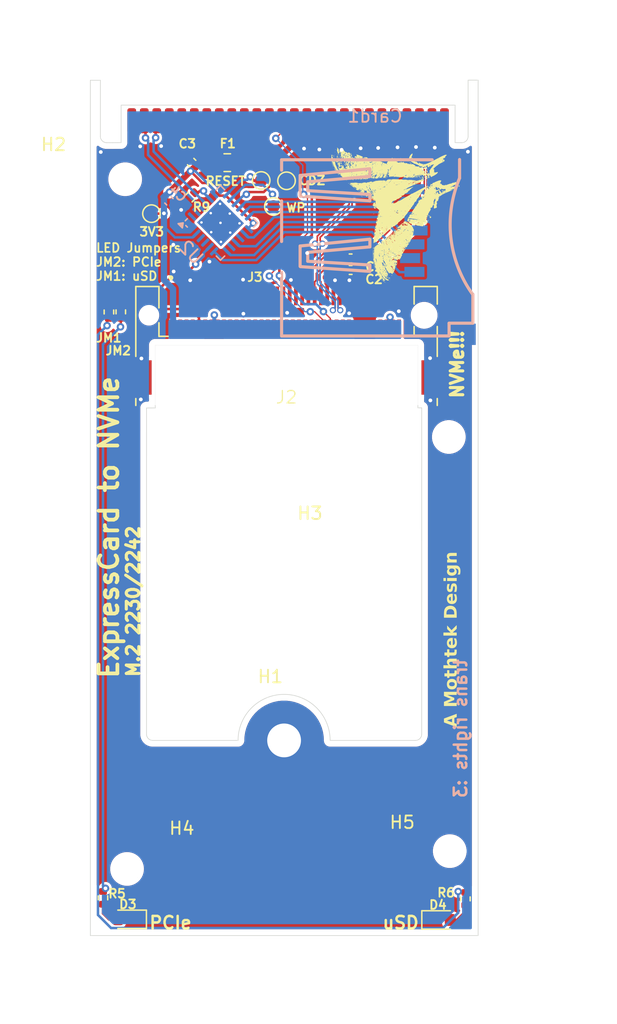
<source format=kicad_pcb>
(kicad_pcb (version 20241229) (generator "pcbnew") (generator_version "9.0")
  (layers (0 "F.Cu" signal) (2 "B.Cu" signal) (13 "F.Paste" user) (15 "B.Paste" user) (5 "F.SilkS" user "F.Silkscreen") (7 "B.SilkS" user "B.Silkscreen") (1 "F.Mask" user) (3 "B.Mask" user) (25 "Edge.Cuts" user))
  (net 0 "")
  (net 1 "PCIe_TX_P")
  (net 2 "PCIe_TX_N")
  (net 3 "GND")
  (net 4 "3V3")
  (net 5 "PCIe_LED")
  (net 6 "USB_N")
  (net 7 "USB_P")
  (net 9 "PCIe_CLK_P")
  (net 10 "CLKREQ")
  (net 11 "1V5")
  (net 12 "PCIe_RX_N")
  (net 15 "PERST")
  (net 17 "PCIe_CLK_N")
  (net 19 "PCIe_RX_P")
  (net 21 "SD_DAT0")
  (net 22 "PCIe_TX_C_P")
  (net 23 "PCIe_TX_C_N")
  (net 24 "SD_CMD")
  (net 25 "SD_3V3")
  (net 26 "SD_DAT3")
  (net 27 "SD_CLK")
  (net 28 "SD_DAT2")
  (net 29 "SD_DAT1")
  (net 30 "SD_LED")
  (net 31 "3V3_F")
  (net 68 "Net-(D3-A)")
  (net 69 "Net-(D4-A)")
  (net 70 "SD_RESET")
  (net 71 "SD_TEST")
  (net 72 "SD_CDZ")
  (net 73 "SD_WP")
  (net 74 "Net-(U2-RREF)")
  (net 80 "Net-(JM1-Pad1)")
  (net 81 "Net-(JM2-Pad1)")
  (footprint "Resistor_SMD:R_0402_1005Metric" (layer "F.Cu") (at 61.675 67.785001 90)
    (property "Reference" "JM1")
    (property "Value" "0r")
  )
  (footprint "Resistor_SMD:R_0402_1005Metric" (layer "F.Cu") (at 68.164375 58.610625 45)
    (property "Reference" "R9")
    (property "Value" "680r")
  )
  (footprint "Capacitor_SMD:C_0402_1005Metric" (layer "F.Cu") (at 68.289411 55.839411 -45)
    (property "Reference" "C3")
    (property "Value" "0.1uF")
  )
  (footprint "MountingHole:MountingHole_2.2mm_M2" (layer "F.Cu") (at 88.925 110.875)
    (property "Reference" "H5")
    (property "Value" "MOUNTING SCREW")
  )
  (footprint "MDT180M03001_2:AMPHENOL_MDT180M03001" (layer "F.Cu") (at 75.875 68.05)
    (property "Reference" "J3")
    (property "Value" "MDT180M03001")
    (fp_line (start -10.5 2.39) (end -10.5 7.2) (stroke (width 0.01)) (layer "Edge.Cuts"))
    (fp_line (start 10.5 2.39) (end -10.5 2.39) (stroke (width 0.01)) (layer "Edge.Cuts"))
    (fp_line (start 10.5 7.2) (end 10.5 2.39) (stroke (width 0.01)) (layer "Edge.Cuts"))
  )
  (footprint "MountingHole:MountingHole_2.2mm_M2" (layer "F.Cu") (at 62.975 57.175)
    (property "Reference" "H2")
    (property "Value" "MOUNTING SCREW")
  )
  (footprint "LED_SMD:LED_0603_1608Metric" (layer "F.Cu") (at 63.1875 116.325 180)
    (property "Reference" "D3")
    (property "Value" "LED")
  )
  (footprint "LED_SMD:LED_0603_1608Metric" (layer "F.Cu") (at 88.175 116.375)
    (property "Reference" "D4")
    (property "Value" "LED")
  )
  (footprint "TestPoint:TestPoint_Pad_D1.0mm" (layer "F.Cu") (at 73.85 57.275)
    (property "Reference" "RESET")
    (property "Value" "SD_RESET")
  )
  (footprint "TestPoint:TestPoint_Pad_D1.0mm" (layer "F.Cu") (at 74.825 59.35)
    (property "Reference" "WP")
    (property "Value" "SD_WP")
  )
  (footprint "Fuse:Fuse_0805_2012Metric" (layer "F.Cu") (at 71.1375 55.85)
    (property "Reference" "F1")
    (property "Value" "Fuse_Small")
  )
  (footprint "thinkmoth:ExpressCard_Plug" (layer "F.Cu") (at 76 52.5)
    (property "Reference" "J2")
    (property "Value" "ExpressCard")
    (fp_line (start -13.35 -1.25) (end 13.35 -1.25) (stroke (width 0.05)) (layer "Edge.Cuts"))
    (fp_line (start -13.35 1.75) (end -13.35 -1.25) (stroke (width 0.05)) (layer "Edge.Cuts"))
    (fp_line (start 13.35 -1.25) (end 13.35 1.75) (stroke (width 0.05)) (layer "Edge.Cuts"))
  )
  (footprint "TestPoint:TestPoint_Pad_D1.0mm" (layer "F.Cu") (at 75.875 57.3)
    (property "Reference" "CDZ")
    (property "Value" "SD_CDZ")
  )
  (footprint "Resistor_SMD:R_0402_1005Metric" (layer "F.Cu") (at 62.625 67.775 90)
    (property "Reference" "JM2")
    (property "Value" "0r")
  )
  (footprint "Capacitor_SMD:C_0402_1005Metric" (layer "F.Cu") (at 80.997684 63.510701 180)
    (property "Reference" "C1")
    (property "Value" "0.1uF")
  )
  (footprint "MountingHole:MountingHole_2.2mm_M2" (layer "F.Cu") (at 63.125 112.3)
    (property "Reference" "H4")
    (property "Value" "MOUNTING SCREW")
  )
  (footprint "Resistor_SMD:R_0402_1005Metric" (layer "F.Cu") (at 90.175 114.689999 90)
    (property "Reference" "R6")
    (property "Value" "4kR")
  )
  (footprint "TestPoint:TestPoint_Pad_D1.0mm" (layer "F.Cu") (at 65.075 59.925)
    (property "Reference" "3V3")
    (property "Value" "3V3")
  )
  (footprint "Capacitor_SMD:C_0402_1005Metric" (layer "F.Cu") (at 81 64.425 180)
    (property "Reference" "C2")
    (property "Value" "0.1uF")
  )
  (footprint "MountingHole:MountingHole_2.2mm_M2" (layer "F.Cu") (at 88.85 77.775)
    (property "Reference" "H3")
    (property "Value" "MOUNTING SCREW")
  )
  (footprint "MountingHole:MountingHole_2.7mm_M2.5_DIN965_Pad" (layer "F.Cu") (at 75.680404 102.026705)
    (property "Reference" "H1")
    (property "Value" "M.2 SCREW")
  )
  (footprint "Resistor_SMD:R_0402_1005Metric" (layer "F.Cu") (at 61.2 114.610001 90)
    (property "Reference" "R5")
    (property "Value" "4kR")
  )
  (footprint "SOFNG-TF-001B:TF-SMD_TF-001B" (layer "B.Cu") (at 82.95 62.85 180)
    (property "Reference" "Card1")
    (property "Value" "TF-001B")
  )
  (footprint "Capacitor_SMD:C_0402_1005Metric" (layer "B.Cu") (at 66.475 58.9 135)
    (property "Reference" "C4")
    (property "Value" "0.1uF")
  )
  (footprint "Package_DFN_QFN:QFN-24-1EP_4x4mm_P0.5mm_EP2.7x2.6mm_ThermalVias" (layer "B.Cu") (at 70.594582 60.662652 -45)
    (property "Reference" "U2")
    (property "Value" "~")
  )
  (gr_poly (pts (xy 84.617994 61.146248) (xy 84.617549 61.145012) (xy 84.617177 61.143855) (xy 84.616877 61.14277) (xy 84.616651 61.141763) (xy 84.616498 61.140829) (xy 84.616423 61.139969) (xy 84.616419 61.139181) (xy 84.616493 61.138468) (xy 84.616643 61.137822) (xy 84.616871 61.137253) (xy 84.617177 61.136752) (xy 84.61756 61.136322) (xy 84.618023 61.135965) (xy 84.618564 61.135672) (xy 84.619188 61.135451) (xy 84.619893 61.135299) (xy 84.620677 61.135213) (xy 84.621543 61.135194) (xy 84.622495 61.135242) (xy 84.623526 61.135358) (xy 84.624645 61.135537) (xy 84.625846 61.135785) (xy 84.627132 61.136092) (xy 84.628505 61.136466) (xy 84.629963 61.136902) (xy 84.633143 61.137966) (xy 84.635709 61.13855) (xy 84.63827 61.138987) (xy 84.640812 61.13928) (xy 84.643319 61.139431) (xy 84.645779 61.139442) (xy 84.648173 61.139312) (xy 84.650486 61.139046) (xy 84.652709 61.138644) (xy 84.65482 61.13811) (xy 84.656807 61.137443) (xy 84.65775 61.13706) (xy 84.658655 61.136646) (xy 84.659524 61.136198) (xy 84.66035 61.13572) (xy 84.661135 61.135209) (xy 84.661874 61.134665) (xy 84.66257 61.134091) (xy 84.663218 61.133488) (xy 84.663814 61.132851) (xy 84.664362 61.132185) (xy 84.664851 61.131488) (xy 84.665289 61.130762) (xy 84.666053 61.129408) (xy 84.666709 61.128313) (xy 84.667258 61.127476) (xy 84.6677 61.126898) (xy 84.66788 61.12671) (xy 84.668032 61.126583) (xy 84.66816 61.12652) (xy 84.668258 61.126525) (xy 84.668334 61.126591) (xy 84.668378 61.126725) (xy 84.668398 61.126923) (xy 84.66839 61.127184) (xy 84.668294 61.127904) (xy 84.668092 61.128886) (xy 84.66778 61.130123) (xy 84.667364 61.131622) (xy 84.666207 61.135392) (xy 84.664619 61.140204) (xy 84.663945 61.142592) (xy 84.663432 61.145099) (xy 84.663081 61.147699) (xy 84.662887 61.150371) (xy 84.662844 61.153087) (xy 84.662952 61.155821) (xy 84.663205 61.15855) (xy 84.663599 61.161245) (xy 84.664127 61.163885) (xy 84.664792 61.166444) (xy 84.665586 61.168893) (xy 84.666506 61.17121) (xy 84.66755 61.173368) (xy 84.668712 61.175344) (xy 84.669988 61.177109) (xy 84.670669 61.177907) (xy 84.671376 61.178644) (xy 84.672125 61.179467) (xy 84.672831 61.180295) (xy 84.67349 61.181121) (xy 84.674106 61.18194) (xy 84.674675 61.182758) (xy 84.6752 61.18357) (xy 84.675678 61.184377) (xy 84.676112 61.185179) (xy 84.676499 61.185969) (xy 84.676841 61.186754) (xy 84.677136 61.187529) (xy 84.677385 61.188289) (xy 84.67759 61.189041) (xy 84.677745 61.189777) (xy 84.677857 61.1905) (xy 84.677917 61.191207) (xy 84.677933 61.191899) (xy 84.677902 61.192573) (xy 84.677823 61.19323) (xy 84.677695 61.193866) (xy 84.677522 61.194481) (xy 84.6773 61.195074) (xy 84.677032 61.195647) (xy 84.676713 61.196193) (xy 84.676346 61.196718) (xy 84.675931 61.197212) (xy 84.675469 61.197684) (xy 84.674955 61.198125) (xy 84.674396 61.19854) (xy 84.673785 61.198922) (xy 84.673127 61.199276) (xy 84.672417 61.199595) (xy 84.671672 61.199878) (xy 84.6709 61.200119) (xy 84.670107 61.200316) (xy 84.669292 61.200474) (xy 84.668458 61.200592) (xy 84.667607 61.200671) (xy 84.666743 61.200712) (xy 84.665864 61.200711) (xy 84.664073 61.200599) (xy 84.662255 61.20034) (xy 84.660423 61.199941) (xy 84.658592 61.199403) (xy 84.656777 61.198735) (xy 84.654995 61.197938) (xy 84.653262 61.197016) (xy 84.651589 61.195979) (xy 84.649996 61.194829) (xy 84.648497 61.19357) (xy 84.647789 61.192902) (xy 84.647107 61.192207) (xy 84.646458 61.191489) (xy 84.645844 61.190747) (xy 84.644452 61.189465) (xy 84.642978 61.187958) (xy 84.641428 61.186243) (xy 84.639824 61.184339) (xy 84.636494 61.180042) (xy 84.633107 61.175212) (xy 84.629775 61.170002) (xy 84.626617 61.164558) (xy 84.62514 61.161799) (xy 84.623747 61.159034) (xy 84.622454 61.156285) (xy 84.62128 61.153572) (xy 84.619755 61.150408) (xy 84.618511 61.147556)) (fill yes) (layer "F.SilkS"))
  (gr_poly (pts (xy 85.534018 60.55833) (xy 85.533962 60.558069) (xy 85.533936 60.557794) (xy 85.533941 60.55751) (xy 85.534036 60.556911) (xy 85.534248 60.556278) (xy 85.534573 60.555616) (xy 85.535008 60.55493) (xy 85.535553 60.554227) (xy 85.536207 60.55351) (xy 85.536961 60.552787) (xy 85.537819 60.55206) (xy 85.538775 60.551338) (xy 85.53983 60.550626) (xy 85.54098 60.549926) (xy 85.542225 60.549246) (xy 85.543558 60.548591) (xy 85.544981 60.547966) (xy 85.545599 60.547733) (xy 85.546232 60.547534) (xy 85.546878 60.547376) (xy 85.547535 60.547256) (xy 85.548202 60.547168) (xy 85.548875 60.547119) (xy 85.549555 60.547104) (xy 85.550241 60.547124) (xy 85.550928 60.54718) (xy 85.551619 60.547269) (xy 85.552308 60.54739) (xy 85.552996 60.547547) (xy 85.553681 60.547734) (xy 85.55436 60.547954) (xy 85.555033 60.548208) (xy 85.555698 60.54849) (xy 85.556356 60.548805) (xy 85.557001 60.549149) (xy 85.557631 60.549524) (xy 85.558249 60.549928) (xy 85.558851 60.550363) (xy 85.559435 60.550823) (xy 85.559998 60.551314) (xy 85.560544 60.55183) (xy 85.561065 60.552375) (xy 85.561563 60.552946) (xy 85.562035 60.553542) (xy 85.562481 60.554167) (xy 85.562895 60.554813) (xy 85.563283 60.555486) (xy 85.563637 60.556186) (xy 85.563959 60.556906) (xy 85.56419 60.557514) (xy 85.564371 60.558113) (xy 85.564506 60.558704) (xy 85.5646 60.559283) (xy 85.564649 60.559853) (xy 85.564654 60.560411) (xy 85.564619 60.560955) (xy 85.564542 60.561485) (xy 85.564426 60.562001) (xy 85.564272 60.562501) (xy 85.564078 60.562985) (xy 85.563848 60.563449) (xy 85.563585 60.563896) (xy 85.563284 60.564322) (xy 85.562951 60.564729) (xy 85.562585 60.565111) (xy 85.562188 60.565476) (xy 85.561757 60.565812) (xy 85.561298 60.566126) (xy 85.560813 60.566413) (xy 85.560296 60.566675) (xy 85.559755 60.566909) (xy 85.559187 60.567115) (xy 85.558595 60.567292) (xy 85.557978 60.567436) (xy 85.557339 60.56755) (xy 85.556678 60.567633) (xy 85.555996 60.567682) (xy 85.555295 60.567695) (xy 85.554575 60.567674) (xy 85.553837 60.567617) (xy 85.553081 60.567521) (xy 85.55133 60.567353) (xy 85.549621 60.567104) (xy 85.547963 60.566783) (xy 85.546361 60.566391) (xy 85.544822 60.56594) (xy 85.543355 60.565429) (xy 85.541966 60.564869) (xy 85.540659 60.564266) (xy 85.539445 60.563625) (xy 85.53833 60.562951) (xy 85.537323 60.562252) (xy 85.536426 60.561533) (xy 85.536021 60.561169) (xy 85.535649 60.560801) (xy 85.535307 60.560432) (xy 85.534998 60.560061) (xy 85.534723 60.559688) (xy 85.53448 60.559318) (xy 85.534274 60.558948) (xy 85.534104 60.558581)) (fill yes) (layer "F.SilkS"))
  (gr_poly (pts (xy 83.563388 63.949989) (xy 83.562885 63.948642) (xy 83.562411 63.947293) (xy 83.561975 63.945946) (xy 83.561569 63.944603) (xy 83.561201 63.943269) (xy 83.560868 63.941943) (xy 83.560569 63.94063) (xy 83.560305 63.939331) (xy 83.560077 63.938048) (xy 83.559884 63.936787) (xy 83.559725 63.935548) (xy 83.559603 63.934331) (xy 83.559518 63.933143) (xy 83.559467 63.931981) (xy 83.559454 63.930852) (xy 83.559476 63.929758) (xy 83.559537 63.9287) (xy 83.559633 63.927683) (xy 83.559767 63.926705) (xy 83.559938 63.925772) (xy 83.560146 63.924886) (xy 83.560392 63.924046) (xy 83.560675 63.923259) (xy 83.560996 63.922527) (xy 83.561356 63.921849) (xy 83.561755 63.921229) (xy 83.56219 63.920671) (xy 83.562665 63.920177) (xy 83.563178 63.919747) (xy 83.563731 63.919389) (xy 83.564322 63.919099) (xy 83.566493 63.91828) (xy 83.568603 63.917639) (xy 83.570649 63.917174) (xy 83.572628 63.916878) (xy 83.574537 63.916742) (xy 83.576374 63.916765) (xy 83.578133 63.916942) (xy 83.579814 63.917264) (xy 83.581412 63.917728) (xy 83.582925 63.918329) (xy 83.584351 63.919059) (xy 83.585684 63.919916) (xy 83.586922 63.920893) (xy 83.588063 63.921983) (xy 83.589103 63.923183) (xy 83.590037 63.924484) (xy 83.590866 63.925887) (xy 83.591584 63.927379) (xy 83.592189 63.92896) (xy 83.592678 63.930622) (xy 83.593047 63.932362) (xy 83.593292 63.934171) (xy 83.593416 63.936046) (xy 83.593409 63.937982) (xy 83.593269 63.939973) (xy 83.592996 63.942009) (xy 83.592584 63.944091) (xy 83.592029 63.946213) (xy 83.591332 63.948365) (xy 83.590487 63.950547) (xy 83.589495 63.95275) (xy 83.588346 63.95497) (xy 83.586275 63.958492) (xy 83.584379 63.961535) (xy 83.582637 63.964094) (xy 83.581026 63.966163) (xy 83.580262 63.967016) (xy 83.579523 63.967741) (xy 83.578806 63.968346) (xy 83.578108 63.96882) (xy 83.577427 63.969175) (xy 83.576758 63.969401) (xy 83.576101 63.969503) (xy 83.575451 63.969475) (xy 83.574808 63.969321) (xy 83.574168 63.96904) (xy 83.573526 63.968629) (xy 83.572882 63.968088) (xy 83.572232 63.967418) (xy 83.571572 63.966617) (xy 83.570904 63.965687) (xy 83.570221 63.964625) (xy 83.568803 63.962105) (xy 83.567295 63.959054) (xy 83.56568 63.955465) (xy 83.56393 63.951337)) (fill yes) (layer "F.SilkS"))
  (gr_poly (pts (xy 80.181456 55.634507) (xy 80.180475 55.631924) (xy 80.179575 55.629411) (xy 80.17875 55.626967) (xy 80.178003 55.624596) (xy 80.177332 55.622293) (xy 80.176739 55.620062) (xy 80.176218 55.617905) (xy 80.175775 55.615821) (xy 80.175406 55.613813) (xy 80.17511 55.61188) (xy 80.174886 55.610021) (xy 80.174736 55.608238) (xy 80.174659 55.606534) (xy 80.174653 55.604909) (xy 80.17472 55.603362) (xy 80.174856 55.601894) (xy 80.175064 55.600508) (xy 80.17534 55.599203) (xy 80.175685 55.597978) (xy 80.176102 55.596838) (xy 80.176583 55.595782) (xy 80.177134 55.594809) (xy 80.177753 55.593922) (xy 80.178436 55.593123) (xy 80.179187 55.592408) (xy 80.180003 55.591779) (xy 80.180883 55.59124) (xy 80.181829 55.59079) (xy 80.182686 55.590397) (xy 80.183542 55.589921) (xy 80.184399 55.589372) (xy 80.185253 55.588746) (xy 80.186951 55.58728) (xy 80.188628 55.58554) (xy 80.190268 55.583549) (xy 80.191866 55.581316) (xy 80.193408 55.578868) (xy 80.194884 55.576219) (xy 80.196287 55.573385) (xy 80.197599 55.570386) (xy 80.198818 55.567239) (xy 80.199926 55.563963) (xy 80.20092 55.560574) (xy 80.201783 55.557091) (xy 80.202508 55.55353) (xy 80.203081 55.549914) (xy 80.204062 55.544922) (xy 80.205081 55.540477) (xy 80.205613 55.538454) (xy 80.206164 55.536556) (xy 80.206734 55.534788) (xy 80.207326 55.533144) (xy 80.207945 55.531619) (xy 80.208593 55.530214) (xy 80.20927 55.528925) (xy 80.209984 55.52775) (xy 80.210731 55.526688) (xy 80.211518 55.525732) (xy 80.212343 55.524885) (xy 80.213216 55.524141) (xy 80.214134 55.523497) (xy 80.215102 55.522956) (xy 80.216122 55.522509) (xy 80.217194 55.522157) (xy 80.218325 55.521897) (xy 80.219513 55.521724) (xy 80.220767 55.521639) (xy 80.222084 55.521637) (xy 80.223468 55.521718) (xy 80.224922 55.521878) (xy 80.226447 55.522114) (xy 80.228052 55.522425) (xy 80.22973 55.52281) (xy 80.231492 55.523261) (xy 80.235263 55.524364) (xy 80.239186 55.525499) (xy 80.24257 55.526677) (xy 80.245412 55.527926) (xy 80.246628 55.528588) (xy 80.247707 55.52928) (xy 80.248648 55.530009) (xy 80.24945 55.530776) (xy 80.250112 55.531583) (xy 80.250638 55.532439) (xy 80.251023 55.533347) (xy 80.251267 55.53431) (xy 80.25137 55.535333) (xy 80.251332 55.536418) (xy 80.25115 55.537571) (xy 80.250829 55.538796) (xy 80.250363 55.5401) (xy 80.249754 55.54148) (xy 80.248999 55.542947) (xy 80.248102 55.544504) (xy 80.24587 55.547891) (xy 80.243053 55.551686) (xy 80.239647 55.555918) (xy 80.235651 55.56062) (xy 80.231054 55.565818) (xy 80.227667 55.569957) (xy 80.224491 55.574313) (xy 80.221526 55.578867) (xy 80.218777 55.583601) (xy 80.216245 55.588494) (xy 80.213937 55.593528) (xy 80.211852 55.598685) (xy 80.209997 55.603944) (xy 80.20837 55.609285) (xy 80.206981 55.614691) (xy 80.205829 55.62014) (xy 80.204917 55.625616) (xy 80.204251 55.631099) (xy 80.203829 55.636567) (xy 80.203661 55.642005) (xy 80.203746 55.647389) (xy 80.207989 55.694507) (xy 80.186165 55.645509) (xy 80.184868 55.642659) (xy 80.183652 55.639873) (xy 80.182514 55.637156)) (fill yes) (layer "F.SilkS"))
  (gr_poly (pts (xy 86.937767 56.978071) (xy 86.937513 56.977332) (xy 86.937296 56.976592) (xy 86.937109 56.975845) (xy 86.936954 56.975101) (xy 86.936835 56.974358) (xy 86.936749 56.973617) (xy 86.936695 56.972879) (xy 86.936676 56.972144) (xy 86.936688 56.971415) (xy 86.936733 56.970693) (xy 86.936813 56.969978) (xy 86.936925 56.969275) (xy 86.937069 56.968578) (xy 86.937247 56.967893) (xy 86.937453 56.967219) (xy 86.937696 56.966559) (xy 86.937968 56.965915) (xy 86.938276 56.965286) (xy 86.938612 56.964674) (xy 86.938984 56.96408) (xy 86.939385 56.963506) (xy 86.939821 56.962952) (xy 86.940286 56.962417) (xy 86.940784 56.961908) (xy 86.941314 56.961423) (xy 86.941875 56.960959) (xy 86.942469 56.960525) (xy 86.943091 56.960116) (xy 86.943747 56.959736) (xy 86.944433 56.959387) (xy 86.945152 56.959068) (xy 86.945765 56.95882) (xy 86.946384 56.958591) (xy 86.947006 56.958376) (xy 86.94763 56.958177) (xy 86.948256 56.957992) (xy 86.948881 56.957823) (xy 86.949504 56.957671) (xy 86.950123 56.957533) (xy 86.951349 56.957302) (xy 86.95254 56.957136) (xy 86.95312 56.957073) (xy 86.95369 56.957028) (xy 86.954245 56.956999) (xy 86.954789 56.956983) (xy 86.955314 56.956984) (xy 86.955825 56.957001) (xy 86.956313 56.957034) (xy 86.956784 56.957081) (xy 86.957232 56.957148) (xy 86.957657 56.957225) (xy 86.958058 56.95732) (xy 86.958434 56.957431) (xy 86.958782 56.957557) (xy 86.959104 56.957698) (xy 86.959392 56.957857) (xy 86.95965 56.958031) (xy 86.959878 56.958219) (xy 86.960071 56.958424) (xy 86.960228 56.958645) (xy 86.960348 56.95888) (xy 86.960484 56.959263) (xy 86.960588 56.959675) (xy 86.960663 56.960116) (xy 86.960707 56.960582) (xy 86.960714 56.961588) (xy 86.960611 56.962686) (xy 86.960404 56.963862) (xy 86.960105 56.965103) (xy 86.959715 56.9664) (xy 86.959244 56.96774) (xy 86.958695 56.969111) (xy 86.958076 56.970502) (xy 86.957394 56.971902) (xy 86.956654 56.973298) (xy 86.955864 56.974681) (xy 86.955029 56.976038) (xy 86.954156 56.977354) (xy 86.953252 56.978623) (xy 86.952671 56.97927) (xy 86.952088 56.979875) (xy 86.951509 56.980434) (xy 86.950928 56.98095) (xy 86.95035 56.981423) (xy 86.949776 56.981853) (xy 86.949206 56.982243) (xy 86.948641 56.982584) (xy 86.948078 56.982887) (xy 86.947521 56.983147) (xy 86.946972 56.983365) (xy 86.94643 56.983542) (xy 86.945894 56.983678) (xy 86.945366 56.983774) (xy 86.944848 56.983827) (xy 86.944339 56.983842) (xy 86.943841 56.983814) (xy 86.943353 56.983748) (xy 86.942878 56.983645) (xy 86.942413 56.983501) (xy 86.941963 56.983316) (xy 86.941527 56.983094) (xy 86.941103 56.982834) (xy 86.940695 56.982534) (xy 86.940303 56.982198) (xy 86.939928 56.981824) (xy 86.939568 56.981411) (xy 86.939228 56.980964) (xy 86.938905 56.980479) (xy 86.938601 56.979958) (xy 86.938318 56.979401) (xy 86.938054 56.978807)) (fill yes) (layer "F.SilkS"))
  (gr_poly (pts (xy 88.442488 55.559037) (xy 88.442242 55.558309) (xy 88.442025 55.557586) (xy 88.441847 55.556865) (xy 88.441705 55.556153) (xy 88.441596 55.555444) (xy 88.441522 55.554744) (xy 88.441479 55.554054) (xy 88.441471 55.55337) (xy 88.441495 55.552696) (xy 88.441549 55.552033) (xy 88.441635 55.551384) (xy 88.441751 55.550742) (xy 88.441899 55.550114) (xy 88.442075 55.5495) (xy 88.442281 55.5489) (xy 88.442515 55.548315) (xy 88.442778 55.547746) (xy 88.443068 55.547195) (xy 88.443383 55.546659) (xy 88.443728 55.546142) (xy 88.444097 55.545644) (xy 88.444492 55.545165) (xy 88.444911 55.544709) (xy 88.445356 55.544271) (xy 88.445826 55.543857) (xy 88.446316 55.543464) (xy 88.446831 55.543097) (xy 88.447366 55.542752) (xy 88.447926 55.542433) (xy 88.448505 55.54214) (xy 88.449106 55.541873) (xy 88.44985 55.541584) (xy 88.450612 55.541319) (xy 88.451392 55.541084) (xy 88.452188 55.540877) (xy 88.452998 55.540697) (xy 88.453822 55.540543) (xy 88.454657 55.540418) (xy 88.455504 55.540322) (xy 88.457222 55.540208) (xy 88.458967 55.540207) (xy 88.460725 55.540312) (xy 88.462488 55.540531) (xy 88.464242 55.540858) (xy 88.465113 55.541066) (xy 88.465977 55.541299) (xy 88.466834 55.54156) (xy 88.467682 55.541849) (xy 88.46852 55.542165) (xy 88.469346 55.542511) (xy 88.470158 55.542882) (xy 88.470957 55.543283) (xy 88.471739 55.543709) (xy 88.472506 55.544166) (xy 88.473251 55.54465) (xy 88.47398 55.545163) (xy 88.474683 55.5457) (xy 88.475365 55.546269) (xy 88.475961 55.546739) (xy 88.476501 55.547229) (xy 88.476986 55.547741) (xy 88.477419 55.548268) (xy 88.477802 55.548812) (xy 88.478133 55.549371) (xy 88.478407 55.549942) (xy 88.478634 55.550525) (xy 88.478805 55.551117) (xy 88.478929 55.55172) (xy 88.478998 55.552331) (xy 88.479019 55.552947) (xy 88.478985 55.553566) (xy 88.478904 55.554189) (xy 88.478771 55.554813) (xy 88.478589 55.555437) (xy 88.478359 55.556056) (xy 88.478075 55.556677) (xy 88.477743 55.557288) (xy 88.477362 55.557897) (xy 88.476933 55.558495) (xy 88.476454 55.559089) (xy 88.475928 55.559668) (xy 88.475354 55.560236) (xy 88.474727 55.56079) (xy 88.474057 55.56133) (xy 88.473336 55.561854) (xy 88.472571 55.562358) (xy 88.471757 55.562842) (xy 88.470896 55.563308) (xy 88.469986 55.563749) (xy 88.469035 55.564167) (xy 88.467934 55.564599) (xy 88.466833 55.56499) (xy 88.465738 55.565337) (xy 88.464647 55.565641) (xy 88.46356 55.565903) (xy 88.462483 55.566124) (xy 88.461416 55.566305) (xy 88.46036 55.566446) (xy 88.459315 55.566548) (xy 88.458287 55.566613) (xy 88.457274 55.566639) (xy 88.456279 55.566629) (xy 88.455304 55.566585) (xy 88.454353 55.566503) (xy 88.45342 55.566385) (xy 88.452517 55.566236) (xy 88.451637 55.566052) (xy 88.450785 55.565834) (xy 88.449964 55.565586) (xy 88.449173 55.565307) (xy 88.448419 55.564996) (xy 88.447697 55.564656) (xy 88.447013 55.564289) (xy 88.446365 55.563889) (xy 88.445757 55.563465) (xy 88.445192 55.563014) (xy 88.444671 55.562534) (xy 88.444194 55.56203) (xy 88.443766 55.561501) (xy 88.443384 55.560948) (xy 88.443052 55.56037) (xy 88.442773 55.559771)) (fill yes) (layer "F.SilkS"))
  (gr_poly (pts (xy 89.291216 57.962557) (xy 89.291052 57.961934) (xy 89.290925 57.961286) (xy 89.290841 57.960616) (xy 89.2908 57.959924) (xy 89.290802 57.959211) (xy 89.290849 57.958479) (xy 89.290938 57.957725) (xy 89.291084 57.956814) (xy 89.291392 57.955853) (xy 89.292478 57.953799) (xy 89.294161 57.951577) (xy 89.296408 57.949207) (xy 89.299182 57.946706) (xy 89.30245 57.944096) (xy 89.306177 57.941395) (xy 89.310327 57.938618) (xy 89.314867 57.935792) (xy 89.319764 57.932928) (xy 89.330477 57.927171) (xy 89.342194 57.921501) (xy 89.354635 57.916068) (xy 89.362228 57.913225) (xy 89.369171 57.910701) (xy 89.375465 57.908489) (xy 89.381119 57.9066) (xy 89.383705 57.905778) (xy 89.386136 57.905037) (xy 89.38841 57.90438) (xy 89.390525 57.903806) (xy 89.392487 57.903313) (xy 89.394292 57.902906) (xy 89.395945 57.902583) (xy 89.397444 57.902343) (xy 89.39879 57.902192) (xy 89.399986 57.902123) (xy 89.40103 57.902143) (xy 89.401923 57.902251) (xy 89.402312 57.90234) (xy 89.402667 57.902446) (xy 89.402983 57.902578) (xy 89.403263 57.902728) (xy 89.403505 57.902905) (xy 89.40371 57.903101) (xy 89.403879 57.90332) (xy 89.404009 57.903561) (xy 89.404105 57.903826) (xy 89.404166 57.904112) (xy 89.404187 57.904421) (xy 89.404173 57.904754) (xy 89.404122 57.905108) (xy 89.404037 57.905484) (xy 89.403757 57.906307) (xy 89.403334 57.907221) (xy 89.402769 57.908228) (xy 89.402061 57.909329) (xy 89.401214 57.910518) (xy 89.398119 57.914305) (xy 89.394392 57.918206) (xy 89.390077 57.922191) (xy 89.385239 57.92623) (xy 89.379926 57.930296) (xy 89.374196 57.934357) (xy 89.368103 57.938384) (xy 89.361704 57.942351) (xy 89.355049 57.946223) (xy 89.348198 57.949976) (xy 89.341202 57.953577) (xy 89.334119 57.956998) (xy 89.327002 57.960208) (xy 89.319908 57.963178) (xy 89.31289 57.965881) (xy 89.306004 57.968286) (xy 89.305106 57.968498) (xy 89.304229 57.968665) (xy 89.30337 57.968792) (xy 89.30253 57.968877) (xy 89.301715 57.96892) (xy 89.30092 57.968927) (xy 89.300149 57.968893) (xy 89.2994 57.968824) (xy 89.298679 57.968716) (xy 89.297984 57.968571) (xy 89.297313 57.968393) (xy 89.296669 57.968179) (xy 89.296056 57.967929) (xy 89.29547 57.967646) (xy 89.294916 57.967332) (xy 89.294392 57.966985) (xy 89.2939 57.966608) (xy 89.293441 57.9662) (xy 89.293017 57.965762) (xy 89.292624 57.965295) (xy 89.29227 57.964801) (xy 89.291951 57.964281) (xy 89.291666 57.963731) (xy 89.291422 57.963157)) (fill yes) (layer "F.SilkS"))
  (gr_poly (pts (xy 80.486568 56.042103) (xy 80.486239 56.040937) (xy 80.486005 56.039775) (xy 80.48587 56.038623) (xy 80.485835 56.037487) (xy 80.485899 56.036371) (xy 80.486067 56.03528) (xy 80.486339 56.034217) (xy 80.486717 56.033189) (xy 80.487204 56.032196) (xy 80.487797 56.031248) (xy 80.488502 56.030347) (xy 80.48932 56.029498) (xy 80.490251 56.028707) (xy 80.4913 56.027977) (xy 80.492465 56.027314) (xy 80.49375 56.026719) (xy 80.494376 56.02649) (xy 80.49503 56.026312) (xy 80.495712 56.026181) (xy 80.496418 56.026097) (xy 80.49715 56.026058) (xy 80.497905 56.026064) (xy 80.499479 56.026206) (xy 80.501133 56.026513) (xy 80.50285 56.026978) (xy 80.504626 56.027586) (xy 80.506446 56.028332) (xy 80.508303 56.029208) (xy 80.510185 56.030203) (xy 80.512079 56.031309) (xy 80.513979 56.032514) (xy 80.515871 56.033813) (xy 80.517747 56.035197) (xy 80.519595 56.036652) (xy 80.521406 56.038173) (xy 80.522704 56.039737) (xy 80.523857 56.041271) (xy 80.52487 56.042772) (xy 80.525742 56.044232) (xy 80.526481 56.045651) (xy 80.527082 56.047026) (xy 80.527555 56.048357) (xy 80.527896 56.049636) (xy 80.528112 56.050864) (xy 80.528201 56.052038) (xy 80.52817 56.053149) (xy 80.528018 56.054201) (xy 80.527748 56.055189) (xy 80.527366 56.056107) (xy 80.526869 56.056961) (xy 80.526263 56.057736) (xy 80.525547 56.058436) (xy 80.52473 56.059057) (xy 80.523809 56.059595) (xy 80.522785 56.060051) (xy 80.521665 56.060415) (xy 80.52045 56.060691) (xy 80.519142 56.060871) (xy 80.517741 56.060957) (xy 80.516252 56.06094) (xy 80.514677 56.06082) (xy 80.513021 56.060598) (xy 80.511281 56.060262) (xy 80.509464 56.05982) (xy 80.507571 56.05926) (xy 80.505604 56.05858) (xy 80.503564 56.057782) (xy 80.50192 56.057153) (xy 80.500346 56.056455) (xy 80.498844 56.055693) (xy 80.497414 56.054872) (xy 80.496062 56.053998) (xy 80.494784 56.053073) (xy 80.493584 56.052102) (xy 80.492463 56.051092) (xy 80.491424 56.050047) (xy 80.490468 56.048968) (xy 80.489597 56.047863) (xy 80.488813 56.046738) (xy 80.488116 56.045594) (xy 80.487508 56.044438) (xy 80.486991 56.043271)) (fill yes) (layer "F.SilkS"))
  (gr_poly (pts (xy 86.668615 57.136671) (xy 86.668194 57.135293) (xy 86.667517 57.132238) (xy 86.667069 57.128781) (xy 86.666855 57.124935) (xy 86.666875 57.120704) (xy 86.667131 57.116097) (xy 86.667632 57.111121) (xy 86.668375 57.105786) (xy 86.66866 57.104415) (xy 86.668966 57.103109) (xy 86.669287 57.101865) (xy 86.669628 57.100689) (xy 86.669986 57.099575) (xy 86.670361 57.09853) (xy 86.670757 57.097548) (xy 86.67117 57.096633) (xy 86.6716 57.095785) (xy 86.672051 57.095003) (xy 86.67252 57.094287) (xy 86.673007 57.093638) (xy 86.673513 57.093058) (xy 86.67404 57.092543) (xy 86.674582 57.092095) (xy 86.675146 57.091716) (xy 86.675729 57.091404) (xy 86.676332 57.091165) (xy 86.676953 57.090989) (xy 86.677592 57.090884) (xy 86.678255 57.090849) (xy 86.678936 57.090882) (xy 86.679636 57.090985) (xy 86.680357 57.091157) (xy 86.681097 57.091399) (xy 86.681857 57.091715) (xy 86.682638 57.092096) (xy 86.683438 57.092551) (xy 86.684261 57.093076) (xy 86.685102 57.093672) (xy 86.685967 57.09434) (xy 86.686849 57.09508) (xy 86.68843 57.096306) (xy 86.689892 57.097621) (xy 86.691247 57.099016) (xy 86.692487 57.10048) (xy 86.693615 57.102009) (xy 86.694633 57.103597) (xy 86.69554 57.105238) (xy 86.696337 57.106925) (xy 86.697025 57.108648) (xy 86.697605 57.110406) (xy 86.698075 57.112186) (xy 86.698438 57.113985) (xy 86.698694 57.115798) (xy 86.698846 57.117615) (xy 86.69889 57.11943) (xy 86.698831 57.121237) (xy 86.698665 57.123028) (xy 86.698393 57.1248) (xy 86.698023 57.126544) (xy 86.697545 57.128251) (xy 86.696969 57.129918) (xy 86.696289 57.131536) (xy 86.695508 57.133099) (xy 86.694629 57.1346) (xy 86.693646 57.136033) (xy 86.692567 57.13739) (xy 86.691389 57.138668) (xy 86.69011 57.139856) (xy 86.688736 57.14095) (xy 86.687266 57.141941) (xy 86.685698 57.142825) (xy 86.684035 57.143593) (xy 86.682716 57.14409) (xy 86.681445 57.144471) (xy 86.680224 57.144735) (xy 86.679055 57.144881) (xy 86.677935 57.144912) (xy 86.676868 57.144831) (xy 86.675852 57.144636) (xy 86.674888 57.14433) (xy 86.673978 57.143909) (xy 86.673117 57.14338) (xy 86.672312 57.142742) (xy 86.671559 57.141995) (xy 86.670862 57.141141) (xy 86.670216 57.140181) (xy 86.669628 57.139115) (xy 86.669095 57.137944)) (fill yes) (layer "F.SilkS"))
  (gr_poly (pts (xy 82.537457 58.707575) (xy 82.537241 58.706832) (xy 82.537081 58.706085) (xy 82.536982 58.705334) (xy 82.536938 58.704579) (xy 82.536946 58.703824) (xy 82.537011 58.703067) (xy 82.537128 58.702309) (xy 82.537296 58.701551) (xy 82.537516 58.700797) (xy 82.537784 58.700045) (xy 82.538102 58.699297) (xy 82.538881 58.697816) (xy 82.539844 58.696363) (xy 82.540982 58.694943) (xy 82.542286 58.693566) (xy 82.543751 58.69224) (xy 82.545366 58.690972) (xy 82.547127 58.689771) (xy 82.549022 58.68864) (xy 82.551045 58.687593) (xy 82.553188 58.686636) (xy 82.554157 58.686251) (xy 82.555108 58.685912) (xy 82.556037 58.685614) (xy 82.556946 58.685358) (xy 82.557834 58.685144) (xy 82.558698 58.684976) (xy 82.55954 58.684848) (xy 82.560361 58.684761) (xy 82.561152 58.684718) (xy 82.561918 58.684715) (xy 82.562658 58.684753) (xy 82.563368 58.684834) (xy 82.564053 58.684956) (xy 82.564705 58.685116) (xy 82.565326 58.68532) (xy 82.565917 58.685563) (xy 82.566476 58.685846) (xy 82.567 58.686171) (xy 82.567491 58.686532) (xy 82.567945 58.686938) (xy 82.568364 58.687379) (xy 82.568745 58.687861) (xy 82.56909 58.688381) (xy 82.569395 58.688945) (xy 82.569659 58.689543) (xy 82.569883 58.69018) (xy 82.570067 58.690856) (xy 82.570205 58.691571) (xy 82.570304 58.692327) (xy 82.570356 58.693116) (xy 82.57036 58.693944) (xy 82.570324 58.694811) (xy 82.570035 58.69636) (xy 82.569631 58.697946) (xy 82.569116 58.699557) (xy 82.568496 58.701176) (xy 82.567775 58.702795) (xy 82.566961 58.704393) (xy 82.566056 58.705962) (xy 82.565072 58.707488) (xy 82.564008 58.708955) (xy 82.562872 58.710353) (xy 82.561672 58.711664) (xy 82.560407 58.712879) (xy 82.559091 58.713981) (xy 82.557723 58.714961) (xy 82.556313 58.715802) (xy 82.555591 58.716164) (xy 82.554862 58.71649) (xy 82.554248 58.716721) (xy 82.553625 58.716915) (xy 82.552998 58.717067) (xy 82.552364 58.71718) (xy 82.55173 58.717257) (xy 82.551091 58.717295) (xy 82.550453 58.717299) (xy 82.549815 58.717267) (xy 82.54918 58.717201) (xy 82.548544 58.717102) (xy 82.547914 58.71697) (xy 82.547289 58.716808) (xy 82.54667 58.716614) (xy 82.546058 58.716389) (xy 82.545456 58.716138) (xy 82.544864 58.715858) (xy 82.544283 58.715551) (xy 82.543712 58.715217) (xy 82.54316 58.714858) (xy 82.542617 58.714475) (xy 82.542094 58.71407) (xy 82.541586 58.71364) (xy 82.541098 58.713191) (xy 82.54063 58.71272) (xy 82.540181 58.712228) (xy 82.539754 58.711719) (xy 82.539351 58.711191) (xy 82.538973 58.710648) (xy 82.538619 58.710084) (xy 82.538295 58.709508) (xy 82.537997 58.708917) (xy 82.537729 58.708314)) (fill yes) (layer "F.SilkS"))
  (gr_poly (pts (xy 80.814033 57.492259) (xy 80.8137 57.491188) (xy 80.813466 57.490158) (xy 80.813333 57.489171) (xy 80.813296 57.488224) (xy 80.813362 57.48732) (xy 80.813527 57.486452) (xy 80.81379 57.485626) (xy 80.814156 57.484835) (xy 80.81462 57.484082) (xy 80.815184 57.483367) (xy 80.81585 57.482684) (xy 80.816615 57.482034) (xy 80.817483 57.48142) (xy 80.818453 57.480837) (xy 80.819522 57.480286) (xy 80.820694 57.479763) (xy 80.821321 57.479543) (xy 80.821987 57.479387) (xy 80.822682 57.479292) (xy 80.82341 57.479263) (xy 80.824165 57.479292) (xy 80.824951 57.47938) (xy 80.826599 57.479729) (xy 80.828338 57.4803) (xy 80.830153 57.481081) (xy 80.832036 57.482066) (xy 80.83397 57.483239) (xy 80.835943 57.484592) (xy 80.837943 57.486119) (xy 80.839956 57.487803) (xy 80.841967 57.48964) (xy 80.843965 57.491615) (xy 80.845938 57.493719) (xy 80.847868 57.495944) (xy 80.849746 57.498277) (xy 80.851491 57.500633) (xy 80.85304 57.502924) (xy 80.854395 57.505144) (xy 80.85556 57.507291) (xy 80.856545 57.50936) (xy 80.857351 57.511341) (xy 80.857985 57.513234) (xy 80.85845 57.515029) (xy 80.858753 57.516725) (xy 80.8589 57.518318) (xy 80.858893 57.519796) (xy 80.858739 57.52116) (xy 80.858445 57.522401) (xy 80.858013 57.523517) (xy 80.857449 57.524501) (xy 80.856756 57.525349) (xy 80.855946 57.526053) (xy 80.855019 57.526611) (xy 80.853978 57.527016) (xy 80.852831 57.527263) (xy 80.851586 57.527347) (xy 80.850244 57.527265) (xy 80.848811 57.527008) (xy 80.84729 57.526572) (xy 80.845691 57.525953) (xy 80.844015 57.525146) (xy 80.842269 57.524145) (xy 80.840459 57.522944) (xy 80.838587 57.521539) (xy 80.836662 57.519924) (xy 80.834686 57.518094) (xy 80.832667 57.516043) (xy 80.82898 57.512327) (xy 80.827281 57.510553) (xy 80.825676 57.508835) (xy 80.82417 57.507172) (xy 80.822761 57.505564) (xy 80.82145 57.504009) (xy 80.820234 57.502507) (xy 80.819117 57.501056) (xy 80.818096 57.499654) (xy 80.817173 57.498304) (xy 80.816349 57.497001) (xy 80.815623 57.495747) (xy 80.814994 57.494539) (xy 80.814464 57.493376)) (fill yes) (layer "F.SilkS"))
  (gr_poly (pts (xy 81.389931 57.227855) (xy 81.38966 57.227135) (xy 81.389409 57.226426) (xy 81.389179 57.22573) (xy 81.388969 57.225042) (xy 81.388781 57.224369) (xy 81.388611 57.223707) (xy 81.388461 57.223061) (xy 81.38833 57.222427) (xy 81.38822 57.221812) (xy 81.388128 57.221208) (xy 81.388053 57.220622) (xy 81.387998 57.220054) (xy 81.38796 57.219504) (xy 81.387941 57.21897) (xy 81.387938 57.218457) (xy 81.387954 57.217964) (xy 81.387985 57.217491) (xy 81.388032 57.217038) (xy 81.388097 57.216607) (xy 81.388177 57.216199) (xy 81.388274 57.215816) (xy 81.388386 57.215453) (xy 81.388512 57.215119) (xy 81.388655 57.214805) (xy 81.388809 57.214519) (xy 81.388981 57.214261) (xy 81.389164 57.214028) (xy 81.389364 57.213825) (xy 81.389576 57.213649) (xy 81.389802 57.213502) (xy 81.390038 57.213386) (xy 81.39042 57.213246) (xy 81.390827 57.213131) (xy 81.391716 57.212972) (xy 81.3927 57.212908) (xy 81.393768 57.21294) (xy 81.394911 57.213063) (xy 81.396118 57.213284) (xy 81.397382 57.213597) (xy 81.398696 57.214001) (xy 81.400044 57.214499) (xy 81.401423 57.215085) (xy 81.402821 57.215764) (xy 81.404228 57.216532) (xy 81.40564 57.217385) (xy 81.407038 57.21833) (xy 81.408422 57.219363) (xy 81.409781 57.220485) (xy 81.41038 57.22095) (xy 81.410943 57.22143) (xy 81.411467 57.221926) (xy 81.411954 57.222431) (xy 81.412401 57.222949) (xy 81.41281 57.223473) (xy 81.413181 57.224007) (xy 81.413513 57.224545) (xy 81.413809 57.225088) (xy 81.414065 57.225635) (xy 81.414284 57.226184) (xy 81.414462 57.226734) (xy 81.414603 57.22728) (xy 81.414706 57.227826) (xy 81.41477 57.228368) (xy 81.414796 57.228907) (xy 81.414783 57.229437) (xy 81.414731 57.22996) (xy 81.414642 57.230473) (xy 81.414514 57.230977) (xy 81.414347 57.231467) (xy 81.41414 57.231946) (xy 81.413898 57.232408) (xy 81.413617 57.232856) (xy 81.413294 57.233285) (xy 81.412935 57.233694) (xy 81.412537 57.234086) (xy 81.4121 57.234452) (xy 81.411625 57.234798) (xy 81.411109 57.23512) (xy 81.410556 57.235412) (xy 81.409964 57.235681) (xy 81.409228 57.235963) (xy 81.408485 57.236205) (xy 81.407735 57.23641) (xy 81.406981 57.236572) (xy 81.406225 57.2367) (xy 81.405469 57.236788) (xy 81.404714 57.236839) (xy 81.403961 57.236855) (xy 81.40321 57.236836) (xy 81.402465 57.236783) (xy 81.401725 57.236698) (xy 81.400993 57.236578) (xy 81.40027 57.236426) (xy 81.399559 57.236245) (xy 81.398859 57.236033) (xy 81.398175 57.235791) (xy 81.397503 57.23552) (xy 81.396848 57.235223) (xy 81.396211 57.2349) (xy 81.395595 57.234548) (xy 81.394999 57.234172) (xy 81.394424 57.23377) (xy 81.393873 57.233346) (xy 81.393348 57.232898) (xy 81.392849 57.232427) (xy 81.392379 57.231937) (xy 81.391938 57.231424) (xy 81.391527 57.230893) (xy 81.391149 57.230343) (xy 81.390804 57.229772) (xy 81.390498 57.229187) (xy 81.390225 57.228583)) (fill yes) (layer "F.SilkS"))
  (gr_poly (pts (xy 79.664825 56.262987) (xy 79.663691 56.259019) (xy 79.663574 56.257846) (xy 79.66378 56.257253) (xy 79.664317 56.257271) (xy 79.665205 56.257933) (xy 79.668083 56.261304) (xy 79.672521 56.267602) (xy 79.679307 56.277353) (xy 79.686505 56.287332) (xy 79.701798 56.307576) (xy 79.717717 56.327521) (xy 79.73359 56.346359) (xy 79.748739 56.363279) (xy 79.755829 56.370765) (xy 79.762489 56.377467) (xy 79.768628 56.383282) (xy 79.77416 56.388111) (xy 79.779008 56.391852) (xy 79.783082 56.394401) (xy 79.784358 56.395151) (xy 79.785569 56.395914) (xy 79.786712 56.396684) (xy 79.787789 56.397463) (xy 79.7888 56.398253) (xy 79.789744 56.399052) (xy 79.790621 56.399862) (xy 79.791435 56.400677) (xy 79.79218 56.401505) (xy 79.792861 56.402344) (xy 79.793478 56.403188) (xy 79.79403 56.404042) (xy 79.794516 56.404905) (xy 79.794939 56.405779) (xy 79.795296 56.406658) (xy 79.795593 56.407547) (xy 79.795822 56.408445) (xy 79.795992 56.409351) (xy 79.796094 56.410265) (xy 79.796136 56.411187) (xy 79.796115 56.412118) (xy 79.796032 56.413058) (xy 79.795886 56.414002) (xy 79.795679 56.414956) (xy 79.795409 56.415919) (xy 79.795079 56.416889) (xy 79.794685 56.417865) (xy 79.794232 56.418851) (xy 79.79372 56.419839) (xy 79.793144 56.420838) (xy 79.79251 56.421844) (xy 79.791815 56.422857) (xy 79.790699 56.424443) (xy 79.78981 56.426156) (xy 79.789148 56.427995) (xy 79.788699 56.42994) (xy 79.788456 56.431985) (xy 79.788411 56.434119) (xy 79.788557 56.43633) (xy 79.788887 56.438605) (xy 79.789392 56.440936) (xy 79.790063 56.443311) (xy 79.790895 56.44572) (xy 79.791875 56.448149) (xy 79.794259 56.453034) (xy 79.797156 56.457876) (xy 79.800499 56.462585) (xy 79.804223 56.467074) (xy 79.80827 56.471257) (xy 79.812572 56.475044) (xy 79.8148 56.476764) (xy 79.817068 56.47835) (xy 79.819371 56.479794) (xy 79.821695 56.481084) (xy 79.824038 56.482208) (xy 79.826389 56.483158) (xy 79.828743 56.483921) (xy 79.831088 56.484486) (xy 79.831736 56.484714) (xy 79.832403 56.485066) (xy 79.833772 56.486125) (xy 79.835187 56.48764) (xy 79.836639 56.489587) (xy 79.83811 56.491932) (xy 79.839596 56.494654) (xy 79.841082 56.497726) (xy 79.84256 56.501119) (xy 79.844014 56.504806) (xy 79.845437 56.508761) (xy 79.846821 56.512958) (xy 79.848148 56.517372) (xy 79.849408 56.521972) (xy 79.850592 56.526733) (xy 79.85169 56.531629) (xy 79.852689 56.536634) (xy 79.855388 56.552985) (xy 79.856291 56.559324) (xy 79.856815 56.564399) (xy 79.856902 56.568181) (xy 79.856759 56.569575) (xy 79.856489 56.570634) (xy 79.85608 56.571354) (xy 79.85552 56.571731) (xy 79.854806 56.571761) (xy 79.853932 56.57144) (xy 79.852888 56.570764) (xy 79.851668 56.56973) (xy 79.848665 56.566567) (xy 79.844867 56.561922) (xy 79.84021 56.555764) (xy 79.828083 56.538787) (xy 79.811811 56.515382) (xy 79.78987 56.482754) (xy 79.766392 56.446753) (xy 79.744254 56.411915) (xy 79.726339 56.382775) (xy 79.719079 56.370562) (xy 79.711818 56.357886) (xy 79.69774 56.332116) (xy 79.684994 56.307407) (xy 79.674477 56.285695) (xy 79.67033 56.276567) (xy 79.667078 56.268917)) (fill yes) (layer "F.SilkS"))
  (gr_poly (pts (xy 86.809633 57.0006) (xy 86.80938 56.99986) (xy 86.809162 56.999119) (xy 86.808974 56.998373) (xy 86.808822 56.997628) (xy 86.808701 56.996886) (xy 86.808616 56.996144) (xy 86.808563 56.995406) (xy 86.808544 56.994673) (xy 86.808558 56.99394) (xy 86.808602 56.993221) (xy 86.80868 56.992505) (xy 86.808793 56.9918) (xy 86.808935 56.991105) (xy 86.809112 56.990418) (xy 86.809321 56.989745) (xy 86.809562 56.989087) (xy 86.809835 56.988442) (xy 86.810143 56.987815) (xy 86.810481 56.987202) (xy 86.810851 56.986609) (xy 86.811253 56.986033) (xy 86.811688 56.985478) (xy 86.812155 56.984945) (xy 86.812652 56.984437) (xy 86.81318 56.983949) (xy 86.813742 56.983488) (xy 86.814334 56.983051) (xy 86.814958 56.982643) (xy 86.815615 56.982263) (xy 86.8163 56.981914) (xy 86.817018 56.981594) (xy 86.817632 56.981348) (xy 86.818251 56.981119) (xy 86.818872 56.980903) (xy 86.819499 56.980704) (xy 86.820124 56.98052) (xy 86.820749 56.980351) (xy 86.82137 56.980199) (xy 86.82199 56.980059) (xy 86.823214 56.97983) (xy 86.824406 56.979661) (xy 86.824987 56.9796) (xy 86.825556 56.979556) (xy 86.826114 56.979526) (xy 86.826658 56.979512) (xy 86.827183 56.979514) (xy 86.827691 56.979529) (xy 86.82818 56.979561) (xy 86.828649 56.979609) (xy 86.829099 56.979672) (xy 86.829525 56.979752) (xy 86.829925 56.979846) (xy 86.8303 56.979956) (xy 86.83065 56.980083) (xy 86.83097 56.980225) (xy 86.83126 56.980382) (xy 86.831518 56.980556) (xy 86.831745 56.980746) (xy 86.831938 56.980951) (xy 86.832094 56.981171) (xy 86.832215 56.981409) (xy 86.832351 56.981791) (xy 86.832456 56.982201) (xy 86.83253 56.982642) (xy 86.832575 56.983109) (xy 86.83258 56.984116) (xy 86.832479 56.985212) (xy 86.832275 56.98639) (xy 86.831972 56.987631) (xy 86.831585 56.988927) (xy 86.83111 56.990267) (xy 86.830562 56.99164) (xy 86.829944 56.993029) (xy 86.829262 56.994431) (xy 86.828523 56.995826) (xy 86.827731 56.997208) (xy 86.826895 56.998564) (xy 86.826024 56.999882) (xy 86.825118 57.001149) (xy 86.824535 57.001797) (xy 86.823954 57.002401) (xy 86.823375 57.002961) (xy 86.822794 57.003479) (xy 86.822218 57.00395) (xy 86.821643 57.004381) (xy 86.821073 57.004767) (xy 86.820507 57.005111) (xy 86.819947 57.005415) (xy 86.819389 57.005674) (xy 86.81884 57.005891) (xy 86.818296 57.006069) (xy 86.817761 57.006205) (xy 86.817232 57.0063) (xy 86.816713 57.006355) (xy 86.816206 57.006368) (xy 86.815707 57.006342) (xy 86.81522 57.006276) (xy 86.814744 57.006172) (xy 86.814281 57.006026) (xy 86.81383 57.005842) (xy 86.813394 57.005621) (xy 86.812969 57.005361) (xy 86.812562 57.005062) (xy 86.812169 57.004724) (xy 86.811794 57.004351) (xy 86.811435 57.00394) (xy 86.811094 57.003491) (xy 86.810771 57.003006) (xy 86.810466 57.002485) (xy 86.810183 57.00193) (xy 86.809922 57.001335)) (fill yes) (layer "F.SilkS"))
  (gr_poly (pts (xy 84.360899 55.661217) (xy 84.360649 55.660488) (xy 84.360437 55.659763) (xy 84.36026 55.659044) (xy 84.36012 55.658329) (xy 84.360014 55.65762) (xy 84.359945 55.656919) (xy 84.35991 55.656224) (xy 84.359909 55.655538) (xy 84.359942 55.65486) (xy 84.360012 55.654191) (xy 84.360112 55.653532) (xy 84.360249 55.652885) (xy 84.360417 55.652247) (xy 84.36062 55.651623) (xy 84.360853 55.651011) (xy 84.361121 55.650413) (xy 84.361418 55.64983) (xy 84.36175 55.64926) (xy 84.362113 55.648708) (xy 84.362507 55.648168) (xy 84.362929 55.647649) (xy 84.363387 55.647145) (xy 84.36387 55.646659) (xy 84.364387 55.646195) (xy 84.364934 55.645746) (xy 84.365508 55.64532) (xy 84.366114 55.644913) (xy 84.366747 55.644529) (xy 84.36741 55.644167) (xy 84.3681 55.643827) (xy 84.368822 55.643513) (xy 84.369437 55.643274) (xy 84.370066 55.643067) (xy 84.370704 55.642892) (xy 84.371351 55.642743) (xy 84.372005 55.64263) (xy 84.372665 55.642545) (xy 84.373328 55.642492) (xy 84.373996 55.642466) (xy 84.374664 55.642474) (xy 84.375332 55.642513) (xy 84.376 55.642581) (xy 84.376664 55.642678) (xy 84.377326 55.642808) (xy 84.37798 55.642971) (xy 84.378629 55.643162) (xy 84.379268 55.643385) (xy 84.379898 55.643638) (xy 84.380518 55.643923) (xy 84.381126 55.644238) (xy 84.381718 55.644583) (xy 84.382297 55.644962) (xy 84.382858 55.645367) (xy 84.383403 55.645807) (xy 84.383925 55.646277) (xy 84.384431 55.646775) (xy 84.384912 55.647309) (xy 84.385368 55.647871) (xy 84.385802 55.648464) (xy 84.386209 55.649088) (xy 84.386589 55.649745) (xy 84.386935 55.650431) (xy 84.387259 55.651149) (xy 84.387491 55.651767) (xy 84.387687 55.6524) (xy 84.387848 55.653045) (xy 84.387971 55.653701) (xy 84.388061 55.654367) (xy 84.388114 55.655039) (xy 84.388133 55.655719) (xy 84.38812 55.656402) (xy 84.388073 55.657085) (xy 84.387995 55.657769) (xy 84.387886 55.658453) (xy 84.387745 55.659137) (xy 84.387576 55.659813) (xy 84.387377 55.660482) (xy 84.387152 55.661145) (xy 84.386896 55.661799) (xy 84.386614 55.662442) (xy 84.386306 55.66307) (xy 84.385972 55.663685) (xy 84.385612 55.664285) (xy 84.385228 55.664865) (xy 84.384824 55.665426) (xy 84.384395 55.665966) (xy 84.383942 55.666482) (xy 84.383472 55.666973) (xy 84.382977 55.667439) (xy 84.382463 55.667878) (xy 84.381931 55.668286) (xy 84.381379 55.668662) (xy 84.38081 55.669005) (xy 84.380224 55.669315) (xy 84.379622 55.669586) (xy 84.378887 55.669871) (xy 84.378154 55.670106) (xy 84.377422 55.670301) (xy 84.376694 55.670455) (xy 84.375969 55.670567) (xy 84.375247 55.670643) (xy 84.374529 55.670678) (xy 84.373818 55.670675) (xy 84.373118 55.670639) (xy 84.372422 55.670566) (xy 84.371737 55.670453) (xy 84.37106 55.670311) (xy 84.370398 55.670138) (xy 84.369745 55.669929) (xy 84.369107 55.669693) (xy 84.368481 55.669427) (xy 84.367871 55.669131) (xy 84.367277 55.668808) (xy 84.3667 55.668459) (xy 84.366141 55.668084) (xy 84.365601 55.667684) (xy 84.36508 55.667263) (xy 84.364581 55.666817) (xy 84.364103 55.666347) (xy 84.363648 55.665861) (xy 84.363217 55.665351) (xy 84.36281 55.664825) (xy 84.36243 55.664283) (xy 84.362076 55.663721) (xy 84.361748 55.663144) (xy 84.361454 55.662553) (xy 84.361183 55.66195)) (fill yes) (layer "F.SilkS"))
  (gr_poly (pts (xy 82.933166 64.050953) (xy 82.932763 64.049861) (xy 82.932401 64.048772) (xy 82.932074 64.047689) (xy 82.931787 64.046613) (xy 82.931533 64.045549) (xy 82.931318 64.044497) (xy 82.931139 64.043456) (xy 82.930997 64.042428) (xy 82.930893 64.041416) (xy 82.930825 64.040419) (xy 82.930796 64.039443) (xy 82.930802 64.038484) (xy 82.930846 64.037547) (xy 82.930928 64.036629) (xy 82.931044 64.035738) (xy 82.931199 64.034871) (xy 82.931392 64.03403) (xy 82.931621 64.033216) (xy 82.931889 64.032434) (xy 82.932193 64.031679) (xy 82.932534 64.030956) (xy 82.932913 64.030268) (xy 82.933327 64.029613) (xy 82.933782 64.028997) (xy 82.934271 64.028414) (xy 82.934799 64.027872) (xy 82.935365 64.027373) (xy 82.935967 64.026911) (xy 82.936607 64.026495) (xy 82.937285 64.02612) (xy 82.937998 64.025794) (xy 82.938615 64.025556) (xy 82.939244 64.025348) (xy 82.939882 64.025172) (xy 82.940529 64.025023) (xy 82.941181 64.024906) (xy 82.94184 64.024816) (xy 82.942501 64.024758) (xy 82.943164 64.024727) (xy 82.943831 64.024726) (xy 82.944496 64.024755) (xy 82.945156 64.02481) (xy 82.945814 64.024895) (xy 82.946467 64.025003) (xy 82.947113 64.025143) (xy 82.94775 64.025309) (xy 82.94838 64.025504) (xy 82.948997 64.025725) (xy 82.949599 64.025972) (xy 82.950191 64.026246) (xy 82.950766 64.026546) (xy 82.951322 64.026873) (xy 82.951861 64.027224) (xy 82.952381 64.027603) (xy 82.952876 64.028009) (xy 82.953351 64.028437) (xy 82.9538 64.028889) (xy 82.954222 64.029369) (xy 82.954619 64.029872) (xy 82.954988 64.030399) (xy 82.955321 64.030951) (xy 82.955625 64.031528) (xy 82.955896 64.032126) (xy 82.956183 64.032871) (xy 82.956434 64.033639) (xy 82.956653 64.034424) (xy 82.956838 64.03523) (xy 82.956991 64.036052) (xy 82.957113 64.036887) (xy 82.957204 64.037739) (xy 82.957266 64.038602) (xy 82.957295 64.039471) (xy 82.957298 64.040351) (xy 82.957221 64.042129) (xy 82.957034 64.043921) (xy 82.95675 64.04571) (xy 82.956368 64.047487) (xy 82.955897 64.049234) (xy 82.955341 64.050942) (xy 82.954707 64.052593) (xy 82.954001 64.054178) (xy 82.953227 64.05568) (xy 82.952391 64.057087) (xy 82.951499 64.058386) (xy 82.950914 64.059028) (xy 82.950322 64.059607) (xy 82.949727 64.06013) (xy 82.949127 64.060595) (xy 82.94852 64.061002) (xy 82.947916 64.061351) (xy 82.947305 64.061645) (xy 82.946693 64.06188) (xy 82.946082 64.06206) (xy 82.94547 64.062186) (xy 82.94486 64.062258) (xy 82.94425 64.062277) (xy 82.943642 64.062238) (xy 82.943039 64.06215) (xy 82.94244 64.062006) (xy 82.941844 64.061813) (xy 82.941256 64.061567) (xy 82.940673 64.061269) (xy 82.940096 64.060923) (xy 82.939528 64.060526) (xy 82.938969 64.06008) (xy 82.938418 64.059583) (xy 82.937879 64.05904) (xy 82.93735 64.058447) (xy 82.936832 64.057808) (xy 82.936326 64.057123) (xy 82.935835 64.056391) (xy 82.935358 64.055614) (xy 82.934895 64.054789) (xy 82.934447 64.053921) (xy 82.933602 64.052054)) (fill yes) (layer "F.SilkS"))
  (gr_poly (pts (xy 82.827841 62.290542) (xy 82.826049 62.261483) (xy 82.827974 62.206582) (xy 82.833909 62.122078) (xy 82.858962 61.849253) (xy 82.903518 61.412988) (xy 82.911841 61.345789) (xy 82.924819 61.25699) (xy 82.940806 61.156096) (xy 82.958154 61.052619) (xy 82.975219 60.956058) (xy 82.990354 60.875923) (xy 83.001909 60.821719) (xy 83.005833 60.807314) (xy 83.007239 60.803805) (xy 83.00824 60.802955) (xy 83.01083 60.80453) (xy 83.013483 60.805922) (xy 83.016198 60.807135) (xy 83.018964 60.808174) (xy 83.021773 60.809041) (xy 83.024617 60.809737) (xy 83.027485 60.81027) (xy 83.030373 60.810638) (xy 83.033271 60.810846) (xy 83.036168 60.810893) (xy 83.039058 60.810791) (xy 83.041934 60.810532) (xy 83.044785 60.810127) (xy 83.047605 60.809575) (xy 83.050382 60.80888) (xy 83.053115 60.808042) (xy 83.055789 60.807068) (xy 83.058396 60.805961) (xy 83.060932 60.804723) (xy 83.063386 60.803353) (xy 83.065748 60.801858) (xy 83.068012 60.800241) (xy 83.07017 60.798504) (xy 83.072213 60.796647) (xy 83.074131 60.794678) (xy 83.075919 60.792597) (xy 83.077567 60.790408) (xy 83.079064 60.788111) (xy 83.080405 60.785713) (xy 83.081583 60.783216) (xy 83.082585 60.78062) (xy 83.083409 60.777928) (xy 83.08433 60.774134) (xy 83.08512 60.770436) (xy 83.085782 60.766837) (xy 83.086315 60.763335) (xy 83.08672 60.759928) (xy 83.086996 60.756619) (xy 83.087143 60.753406) (xy 83.087161 60.750291) (xy 83.087051 60.747269) (xy 83.086815 60.744344) (xy 83.08645 60.741513) (xy 83.085957 60.738777) (xy 83.085336 60.736136) (xy 83.084588 60.733586) (xy 83.083713 60.731133) (xy 83.08271 60.72877) (xy 83.081581 60.726506) (xy 83.080323 60.724327) (xy 83.078941 60.722242) (xy 83.07743 60.72025) (xy 83.075794 60.718352) (xy 83.074031 60.716541) (xy 83.072142 60.714824) (xy 83.070127 60.713196) (xy 83.067985 60.711661) (xy 83.065719 60.710211) (xy 83.063324 60.708853) (xy 83.060806 60.707586) (xy 83.058163 60.706404) (xy 83.055394 60.705314) (xy 83.0525 60.70431) (xy 83.04948 60.703394) (xy 83.044099 60.701717) (xy 83.041656 60.700628) (xy 83.039382 60.699368) (xy 83.03727 60.697927) (xy 83.035328 60.696307) (xy 83.03355 60.694501) (xy 83.031937 60.692501) (xy 83.030488 60.690308) (xy 83.029206 60.687912) (xy 83.028089 60.685312) (xy 83.027133 60.682503) (xy 83.026342 60.679478) (xy 83.025716 60.676236) (xy 83.024953 60.66907) (xy 83.024841 60.660974) (xy 83.02538 60.651911) (xy 83.026567 60.641839) (xy 83.028399 60.630725) (xy 83.030876 60.618526) (xy 83.033996 60.605213) (xy 83.037754 60.590742) (xy 83.04215 60.575078) (xy 83.045212 60.56527) (xy 83.04828 60.554615) (xy 83.051282 60.543455) (xy 83.05414 60.532117) (xy 83.056779 60.520946) (xy 83.059123 60.510269) (xy 83.061096 60.500429) (xy 83.062623 60.491756) (xy 83.065517 60.478846) (xy 83.068972 60.464735) (xy 83.072666 60.4506) (xy 83.076279 60.437604) (xy 83.079489 60.426926) (xy 83.080842 60.422821) (xy 83.081976 60.419733) (xy 83.082849 60.41781) (xy 83.083176 60.417327) (xy 83.083422 60.417196) (xy 83.083582 60.417424) (xy 83.083654 60.418038) (xy 83.083505 60.420485) (xy 83.083394 60.420843) (xy 83.083346 60.421227) (xy 83.08336 60.421638) (xy 83.083435 60.422069) (xy 83.083565 60.422522) (xy 83.083753 60.422996) (xy 83.084292 60.423999) (xy 83.085039 60.42507) (xy 83.085979 60.426198) (xy 83.0871 60.42737) (xy 83.088386 60.428582) (xy 83.089827 60.429816) (xy 83.091408 60.431066) (xy 83.093118 60.432322) (xy 83.094942 60.433573) (xy 83.096864 60.43481) (xy 83.098878 60.43602) (xy 83.100967 60.437197) (xy 83.103113 60.438326) (xy 83.105592 60.439737) (xy 83.107883 60.441229) (xy 83.109989 60.442787) (xy 83.111914 60.44441) (xy 83.11365 60.446088) (xy 83.115205 60.447813) (xy 83.116583 60.449576) (xy 83.117776 60.451369) (xy 83.118793 60.453185) (xy 83.119635 60.455016) (xy 83.120296 60.456852) (xy 83.120786 60.458688) (xy 83.121098 60.460514) (xy 83.12124 60.462323) (xy 83.121209 60.464106) (xy 83.121009 60.465854) (xy 83.120636 60.467562) (xy 83.120098 60.469218) (xy 83.119393 60.470819) (xy 83.11852 60.472351) (xy 83.117484 60.473812) (xy 83.116284 60.475191) (xy 83.114922 60.47648) (xy 83.113396 60.47767) (xy 83.111712 60.478754) (xy 83.10987 60.479725) (xy 83.107868 60.480574) (xy 83.10571 60.481293) (xy 83.103395 60.481872) (xy 83.100926 60.482308) (xy 83.098305 60.482587) (xy 83.095533 60.482707) (xy 83.092072 60.482871) (xy 83.089056 60.483178) (xy 83.087713 60.48339) (xy 83.086481 60.483641) (xy 83.085357 60.483931) (xy 83.084341 60.484263) (xy 83.08343 60.484639) (xy 83.082628 60.485059) (xy 83.08193 60.485526) (xy 83.081338 60.486035) (xy 83.080851 60.486593) (xy 83.080468 60.4872) (xy 83.080188 60.487854) (xy 83.080011 60.488564) (xy 83.079934 60.489322) (xy 83.079962 60.490135) (xy 83.080087 60.490997) (xy 83.080315 60.491919) (xy 83.080639 60.492894) (xy 83.081065 60.493929) (xy 83.081587 60.495021) (xy 83.082207 60.496174) (xy 83.083737 60.49866) (xy 83.085649 60.501397) (xy 83.087936 60.504396) (xy 83.090595 60.507661) (xy 83.093245 60.510954) (xy 83.095505 60.514031) (xy 83.096489 60.515496) (xy 83.097376 60.516919) (xy 83.098161 60.518299) (xy 83.098847 60.519637) (xy 83.099434 60.520939) (xy 83.099919 60.522207) (xy 83.100304 60.523446) (xy 83.100586 60.524653) (xy 83.100766 60.525836) (xy 83.100844 60.526995) (xy 83.100815 60.528136) (xy 83.100685 60.529257) (xy 83.10045 60.530363) (xy 83.100109 60.531458) (xy 83.099664 60.532545) (xy 83.099111 60.533623) (xy 83.098451 60.5347) (xy 83.097684 60.535771) (xy 83.096811 60.536847) (xy 83.095828 60.537927) (xy 83.094738 60.539016) (xy 83.093537 60.540112) (xy 83.092224 60.541219) (xy 83.090802 60.542346) (xy 83.087626 60.544651) (xy 83.084 60.547052) (xy 83.081304 60.548829) (xy 83.078681 60.55074) (xy 83.076148 60.552767) (xy 83.073716 60.55489) (xy 83.071397 60.557094) (xy 83.069204 60.559355) (xy 83.067147 60.56166) (xy 83.06524 60.563986) (xy 83.063499 60.566317) (xy 83.06193 60.568634) (xy 83.06055 60.570916) (xy 83.059369 60.573148) (xy 83.058403 60.57531) (xy 83.058003 60.576359) (xy 83.057661 60.577382) (xy 83.057379 60.578379) (xy 83.057155 60.579348) (xy 83.056997 60.580284) (xy 83.056901 60.581187) (xy 83.057298 60.582703) (xy 83.058135 60.583685) (xy 83.059383 60.584157) (xy 83.061014 60.58415) (xy 83.063004 60.583683) (xy 83.065321 60.582787) (xy 83.070837 60.579805) (xy 83.077344 60.575411) (xy 83.08462 60.569812) (xy 83.092451 60.563214) (xy 83.100617 60.555824) (xy 83.108897 60.547852) (xy 83.117074 60.539497) (xy 83.12493 60.530973) (xy 83.132246 60.522485) (xy 83.138805 60.514239) (xy 83.144384 60.506443) (xy 83.148768 60.499304) (xy 83.151738 60.493028) (xy 83.152137 60.491521) (xy 83.152385 60.49025) (xy 83.152459 60.489702) (xy 83.152497 60.489213) (xy 83.152502 60.48878) (xy 83.15247 60.488405) (xy 83.15241 60.488084) (xy 83.152316 60.487819) (xy 83.15219 60.487611) (xy 83.152034 60.487455) (xy 83.151847 60.487353) (xy 83.151632 60.487306) (xy 83.151386 60.487311) (xy 83.151113 60.487369) (xy 83.150812 60.487477) (xy 83.150482 60.487638) (xy 83.150127 60.48785) (xy 83.149745 60.488112) (xy 83.148909 60.488781) (xy 83.147975 60.489648) (xy 83.146948 60.490701) (xy 83.145838 60.491943) (xy 83.144645 60.493365) (xy 83.143375 60.494963) (xy 83.141222 60.497678) (xy 83.139219 60.499981) (xy 83.137356 60.501882) (xy 83.135637 60.503398) (xy 83.134065 60.504542) (xy 83.132637 60.505328) (xy 83.131354 60.50577) (xy 83.130213 60.505881) (xy 83.129217 60.505674) (xy 83.128365 60.505167) (xy 83.127657 60.504367) (xy 83.127092 60.503292) (xy 83.12667 60.501958) (xy 83.12639 60.500372) (xy 83.126255 60.498554) (xy 83.126262 60.496515) (xy 83.126704 60.491831) (xy 83.127715 60.486431) (xy 83.129293 60.480425) (xy 83.131437 60.47392) (xy 83.134146 60.467029) (xy 83.13742 60.459864) (xy 83.141255 60.452531) (xy 83.145651 60.445146) (xy 83.171355 60.403953) (xy 83.127961 60.391376) (xy 83.085872 60.378264) (xy 83.10154 60.309152) (xy 83.104715 60.293794) (xy 83.107697 60.280172) (xy 83.11054 60.268199) (xy 83.111924 60.262807) (xy 83.113295 60.257792) (xy 83.11466 60.25315) (xy 83.116021 60.248867) (xy 83.11739 60.244934) (xy 83.11877 60.241338) (xy 83.120172 60.23807) (xy 83.121596 60.235119) (xy 83.123056 60.232474) (xy 83.124554 60.230123) (xy 83.1261 60.22806) (xy 83.127697 60.226269) (xy 83.129357 60.224742) (xy 83.131081 60.223469) (xy 83.13288 60.22244) (xy 83.13476 60.221641) (xy 83.136727 60.221064) (xy 83.138784 60.220696) (xy 83.140948 60.220529) (xy 83.143217 60.220551) (xy 83.145599 60.220752) (xy 83.148103 60.221122) (xy 83.150735 60.221648) (xy 83.153501 60.222321) (xy 83.156409 60.223129) (xy 83.159464 60.224064) (xy 83.163478 60.225047) (xy 83.16716 60.22572) (xy 83.168891 60.225931) (xy 83.170549 60.226051) (xy 83.172145 60.226075) (xy 83.173681 60.226004) (xy 83.175161 60.225829) (xy 83.176588 60.225549) (xy 83.177968 60.225157) (xy 83.179309 60.224652) (xy 83.180609 60.224028) (xy 83.181875 60.22328) (xy 83.183112 60.222408) (xy 83.184327 60.221402) (xy 83.185521 60.220263) (xy 83.1867 60.218985) (xy 83.187867 60.217565) (xy 83.189027 60.215995) (xy 83.190185 60.214276) (xy 83.191346 60.2124) (xy 83.193691 60.208169) (xy 83.196099 60.203266) (xy 83.198604 60.197662) (xy 83.201242 60.191321) (xy 83.204051 60.184211) (xy 83.222065 60.135512) (xy 83.181651 60.152253) (xy 83.177748 60.153798) (xy 83.173883 60.155192) (xy 83.170078 60.156433) (xy 83.166358 60.157513) (xy 83.162752 60.158428) (xy 83.159283 60.15918) (xy 83.155976 60.159764) (xy 83.152855 60.16017) (xy 83.151372 60.160308) (xy 83.149948 60.160401) (xy 83.148581 60.160447) (xy 83.147278 60.160449) (xy 83.146041 60.160403) (xy 83.144872 60.160311) (xy 83.143776 60.160173) (xy 83.142755 60.159986) (xy 83.141813 60.159751) (xy 83.140953 60.159468) (xy 83.140176 60.159135) (xy 83.139488 60.158752) (xy 83.13889 60.158322) (xy 83.138389 60.157839) (xy 83.137983 60.157303) (xy 83.137679 60.156719) (xy 83.136971 60.154732) (xy 83.136462 60.152685) (xy 83.136144 60.150583) (xy 83.136017 60.148438) (xy 83.136072 60.146251) (xy 83.136302 60.144037) (xy 83.136702 60.141796) (xy 83.137269 60.139538) (xy 83.137994 60.137271) (xy 83.138873 60.135002) (xy 83.139899 60.132736) (xy 83.141067 60.130482) (xy 83.143807 60.126034) (xy 83.147046 60.121718) (xy 83.15074 60.117591) (xy 83.154841 60.11371) (xy 83.159305 60.110129) (xy 83.164084 60.106905) (xy 83.169136 60.104098) (xy 83.171746 60.10287) (xy 83.17441 60.101767) (xy 83.177118 60.100795) (xy 83.179865 60.099961) (xy 83.182644 60.099278) (xy 83.185455 60.098746) (xy 83.188746 60.098152) (xy 83.192133 60.097342) (xy 83.195586 60.09633) (xy 83.199084 60.095128) (xy 83.202598 60.093749) (xy 83.206102 60.092208) (xy 83.20957 60.090513) (xy 83.212977 60.088681) (xy 83.216296 60.086725) (xy 83.219502 60.084657) (xy 83.222568 60.082492) (xy 83.225469 60.080237) (xy 83.228179 60.077913) (xy 83.230672 60.075527) (xy 83.232922 60.073093) (xy 83.234902 60.070626) (xy 83.237444 60.067137) (xy 83.239543 60.064098) (xy 83.241179 60.061502) (xy 83.242326 60.059342) (xy 83.242709 60.058422) (xy 83.242962 60.05761) (xy 83.243079 60.056898) (xy 83.243058 60.056293) (xy 83.2429 60.055792) (xy 83.2426 60.05539) (xy 83.242151 60.055089) (xy 83.241555 60.054888) (xy 83.240808 60.054785) (xy 83.239907 60.05478) (xy 83.237625 60.055061) (xy 83.234692 60.055717) (xy 83.231084 60.056743) (xy 83.226775 60.058132) (xy 83.221738 60.059874) (xy 83.209406 60.064386) (xy 83.203971 60.066565) (xy 83.201393 60.067543) (xy 83.198909 60.068445) (xy 83.196516 60.069272) (xy 83.194213 60.070024) (xy 83.192003 60.070703) (xy 83.189885 60.071303) (xy 83.187854 60.07183) (xy 83.185911 60.072282) (xy 83.184058 60.072658) (xy 83.182293 60.072958) (xy 83.180618 60.073183) (xy 83.179026 60.073334) (xy 83.177521 60.073408) (xy 83.176102 60.073408) (xy 83.174768 60.073331) (xy 83.173519 60.073179) (xy 83.172355 60.072953) (xy 83.171272 60.072648) (xy 83.170273 60.07227) (xy 83.169355 60.071815) (xy 83.16852 60.071286) (xy 83.167767 60.070679) (xy 83.167092 60.069999) (xy 83.166498 60.069242) (xy 83.165983 60.068407) (xy 83.165548 60.067497) (xy 83.165188 60.066512) (xy 83.164908 60.065452) (xy 83.164705 60.064312) (xy 83.164577 60.0631) (xy 83.16456 60.062249) (xy 83.164624 60.061362) (xy 83.164993 60.059511) (xy 83.165666 60.057566) (xy 83.166625 60.055544) (xy 83.167865 60.053471) (xy 83.169359 60.051372) (xy 83.171097 60.049265) (xy 83.173063 60.047175) (xy 83.175242 60.04512) (xy 83.177618 60.043126) (xy 83.180176 60.04121) (xy 83.182899 60.039403) (xy 83.185772 60.037716) (xy 83.18878 60.036181) (xy 83.191908 60.034813) (xy 83.19514 60.033638) (xy 83.199828 60.031946) (xy 83.203913 60.030415) (xy 83.207398 60.029038) (xy 83.210285 60.027795) (xy 83.211504 60.027218) (xy 83.212581 60.02667) (xy 83.213503 60.026152) (xy 83.214281 60.025657) (xy 83.214909 60.025183) (xy 83.215394 60.024729) (xy 83.215731 60.0243) (xy 83.21592 60.023884) (xy 83.215965 60.023486) (xy 83.215866 60.023101) (xy 83.21562 60.022726) (xy 83.215229 60.022362) (xy 83.214697 60.022008) (xy 83.214019 60.021659) (xy 83.213198 60.021315) (xy 83.212233 60.020974) (xy 83.209876 60.020293) (xy 83.206951 60.019602) (xy 83.20346 60.018882) (xy 83.199406 60.018125) (xy 83.195001 60.017161) (xy 83.191136 60.01607) (xy 83.1878 60.014774) (xy 83.186325 60.014024) (xy 83.184979 60.013195) (xy 83.183757 60.012274) (xy 83.182662 60.011253) (xy 83.181688 60.010126) (xy 83.180836 60.008875) (xy 83.180104 60.007496) (xy 83.17949 60.005981) (xy 83.178993 60.004314) (xy 83.178611 60.00249) (xy 83.178344 60.0005) (xy 83.178189 59.998329) (xy 83.178209 59.993419) (xy 83.178661 59.98768) (xy 83.179532 59.981035) (xy 83.180812 59.97341) (xy 83.182484 59.964721) (xy 83.186971 59.943853) (xy 83.189494 59.932793) (xy 83.19189 59.922911) (xy 83.194225 59.914124) (xy 83.196566 59.906349) (xy 83.198977 59.8995) (xy 83.20023 59.896399) (xy 83.201526 59.893495) (xy 83.202872 59.890785) (xy 83.204277 59.888256) (xy 83.20575 59.885894) (xy 83.207298 59.883691) (xy 83.208932 59.881638) (xy 83.210657 59.879724) (xy 83.212484 59.877935) (xy 83.214418 59.876268) (xy 83.216469 59.874705) (xy 83.218645 59.873238) (xy 83.220956 59.871856) (xy 83.223407 59.870551) (xy 83.226007 59.869313) (xy 83.22877 59.868129) (xy 83.2348 59.865884) (xy 83.241562 59.863733) (xy 83.249123 59.861595) (xy 83.254346 59.860055) (xy 83.259473 59.858373) (xy 83.264491 59.856565) (xy 83.269392 59.85464) (xy 83.27416 59.852611) (xy 83.278784 59.850493) (xy 83.28325 59.8483) (xy 83.287546 59.846038) (xy 83.291659 59.843724) (xy 83.295579 59.841374) (xy 83.29929 59.838995) (xy 83.302777 59.836605) (xy 83.306037 59.834213) (xy 83.309047 59.831833) (xy 83.3118 59.829476) (xy 83.314283 59.827159) (xy 83.316483 59.82489) (xy 83.318385 59.822688) (xy 83.319981 59.820558) (xy 83.321252 59.818518) (xy 83.322191 59.816578) (xy 83.322784 59.814753) (xy 83.323017 59.813057) (xy 83.322879 59.8115) (xy 83.322358 59.810093) (xy 83.321436 59.808853) (xy 83.320109 59.807791) (xy 83.318357 59.80692) (xy 83.31617 59.806251) (xy 83.313538 59.8058) (xy 83.310444 59.805576) (xy 83.30688 59.805598) (xy 83.305594 59.805584) (xy 83.304343 59.805608) (xy 83.30313 59.805669) (xy 83.301953 59.805767) (xy 83.300814 59.8059) (xy 83.299715 59.806066) (xy 83.298653 59.806263) (xy 83.297633 59.806492) (xy 83.296653 59.80675) (xy 83.295717 59.80704) (xy 83.294823 59.807352) (xy 83.293973 59.807693) (xy 83.29317 59.808061) (xy 83.292412 59.808449) (xy 83.291701 59.808862) (xy 83.291036 59.809295) (xy 83.290421 59.809749) (xy 83.289857 59.810222) (xy 83.289341 59.81071) (xy 83.288879 59.81122) (xy 83.288466 59.811741) (xy 83.288108 59.812279) (xy 83.287804 59.812827) (xy 83.287552 59.813386) (xy 83.28736 59.813958) (xy 83.287223 59.814539) (xy 83.287144 59.815128) (xy 83.287121 59.815723) (xy 83.287161 59.816324) (xy 83.287258 59.81693) (xy 83.287418 59.817537) (xy 83.28764 59.818149) (xy 83.288139 59.819745) (xy 83.288329 59.821354) (xy 83.288227 59.822966) (xy 83.287851 59.824575) (xy 83.287213 59.826178) (xy 83.286328 59.827767) (xy 83.285216 59.829331) (xy 83.283889 59.83087) (xy 83.282364 59.832374) (xy 83.280657 59.833838) (xy 83.278787 59.835255) (xy 83.276763 59.836616) (xy 83.27233 59.839149) (xy 83.267482 59.841389) (xy 83.262349 59.843283) (xy 83.257055 59.844777) (xy 83.251726 59.845822) (xy 83.249088 59.846158) (xy 83.24649 59.846364) (xy 83.243944 59.846428) (xy 83.241469 59.846347) (xy 83.23908 59.846115) (xy 83.236792 59.845724) (xy 83.234622 59.84517) (xy 83.232587 59.844444) (xy 83.230696 59.843539) (xy 83.228972 59.842448) (xy 83.226733 59.840522) (xy 83.224853 59.838189) (xy 83.223327 59.835477) (xy 83.222144 59.832414) (xy 83.221292 59.829025) (xy 83.220759 59.825339) (xy 83.220534 59.821382) (xy 83.220607 59.817181) (xy 83.220967 59.812762) (xy 83.2216 59.808154) (xy 83.223646 59.798478) (xy 83.226658 59.788362) (xy 83.230547 59.778028) (xy 83.235219 59.767693) (xy 83.240591 59.757568) (xy 83.246567 59.747874) (xy 83.253064 59.738822) (xy 83.259987 59.730633) (xy 83.263583 59.726927) (xy 83.26725 59.72352) (xy 83.270979 59.720435) (xy 83.27476 59.7177) (xy 83.278582 59.715342) (xy 83.282433 59.713389) (xy 83.294061 59.707543) (xy 83.29864 59.705188) (xy 83.302403 59.703183) (xy 83.305354 59.701505) (xy 83.307495 59.700135) (xy 83.308263 59.699558) (xy 83.308832 59.699048) (xy 83.309202 59.698602) (xy 83.30937 59.698222) (xy 83.309339 59.697899) (xy 83.309111 59.697637) (xy 83.308685 59.697428) (xy 83.308062 59.697269) (xy 83.307242 59.69716) (xy 83.306225 59.697096) (xy 83.303608 59.697101) (xy 83.30021 59.697255) (xy 83.296038 59.69754) (xy 83.285393 59.698417) (xy 83.279982 59.699008) (xy 83.275211 59.699442) (xy 83.271065 59.6997) (xy 83.269221 59.699756) (xy 83.267525 59.699757) (xy 83.265975 59.699701) (xy 83.264572 59.699588) (xy 83.263308 59.69941) (xy 83.262187 59.699169) (xy 83.261201 59.698859) (xy 83.260351 59.698479) (xy 83.259633 59.698024) (xy 83.259046 59.697493) (xy 83.258585 59.696882) (xy 83.258255 59.696189) (xy 83.258043 59.695405) (xy 83.257954 59.694538) (xy 83.257983 59.693579) (xy 83.258129 59.692524) (xy 83.258388 59.691371) (xy 83.25876 59.690119) (xy 83.259241 59.68876) (xy 83.259827 59.687298) (xy 83.260518 59.685725) (xy 83.261313 59.684042) (xy 83.263201 59.680324) (xy 83.265467 59.676123) (xy 83.268658 59.669653) (xy 83.271104 59.663465) (xy 83.27204 59.660461) (xy 83.272781 59.657507) (xy 83.273324 59.654598) (xy 83.273665 59.651724) (xy 83.273804 59.648883) (xy 83.273734 59.646065) (xy 83.273454 59.643269) (xy 83.27296 59.640479) (xy 83.27225 59.637696) (xy 83.271322 59.634908) (xy 83.270172 59.632115) (xy 83.268795 59.629304) (xy 83.26719 59.626473) (xy 83.265354 59.623613) (xy 83.260976 59.617782) (xy 83.255637 59.611758) (xy 83.249312 59.605491) (xy 83.241978 59.598923) (xy 83.233613 59.592007) (xy 83.224187 59.584687) (xy 83.213681 59.57691) (xy 83.202847 59.569164) (xy 83.191393 59.560439) (xy 83.179673 59.551073) (xy 83.168042 59.541402) (xy 83.157534 59.532346) (xy 83.005339 59.164914) (xy 83.00593 59.164669) (xy 83.00649 59.164361) (xy 83.007015 59.163993) (xy 83.007503 59.163567) (xy 83.007954 59.163083) (xy 83.008371 59.162539) (xy 83.008745 59.161942) (xy 83.009082 59.161293) (xy 83.009381 59.160586) (xy 83.009635 59.159831) (xy 83.009848 59.159024) (xy 83.010021 59.158169) (xy 83.010146 59.157266) (xy 83.010267 59.155316) (xy 83.010201 59.153189) (xy 83.009942 59.150895) (xy 83.009484 59.148442) (xy 83.008817 59.145839) (xy 83.007936 59.143098) (xy 83.006835 59.140226) (xy 83.006219 59.138788) (xy 83.005584 59.137416) (xy 83.004933 59.136105) (xy 83.004267 59.134856) (xy 83.003589 59.133668) (xy 83.0029 59.132544) (xy 83.002197 59.131482) (xy 83.001488 59.130484) (xy 83.000772 59.12955) (xy 83.000048 59.12868) (xy 82.999322 59.127873) (xy 82.998591 59.127129) (xy 82.997861 59.126449) (xy 82.997129 59.125838) (xy 82.9964 59.125289) (xy 82.995674 59.124801) (xy 82.994953 59.124382) (xy 82.994237 59.12403) (xy 82.993529 59.123744) (xy 82.992831 59.12352) (xy 82.992142 59.123362) (xy 82.991468 59.123273) (xy 82.990803 59.123249) (xy 82.990158 59.123292) (xy 82.989526 59.123403) (xy 82.988911 59.123581) (xy 82.98832 59.123826) (xy 82.987747 59.124139) (xy 82.987199 59.12452) (xy 82.986672 59.124969) (xy 82.986171 59.125485) (xy 82.985698 59.126069) (xy 82.985131 59.126752) (xy 82.984591 59.127456) (xy 82.983594 59.12893) (xy 82.98271 59.13047) (xy 82.98193 59.132072) (xy 82.981261 59.133716) (xy 82.980698 59.13539) (xy 82.980242 59.137086) (xy 82.979891 59.138789) (xy 82.979644 59.140478) (xy 82.979501 59.142151) (xy 82.97946 59.14379) (xy 82.979521 59.145382) (xy 82.979681 59.146915) (xy 82.979944 59.148375) (xy 82.980303 59.149749) (xy 82.98076 59.151026) (xy 82.981032 59.151639) (xy 82.981339 59.152252) (xy 82.981682 59.152866) (xy 82.982058 59.153478) (xy 82.982906 59.154696) (xy 82.983874 59.155894) (xy 82.984958 59.157062) (xy 82.986146 59.158193) (xy 82.987428 59.159274) (xy 82.988802 59.160298) (xy 82.990253 59.16125) (xy 82.991773 59.162129) (xy 82.993355 59.162915) (xy 82.994167 59.163274) (xy 82.994992 59.163604) (xy 82.995826 59.163908) (xy 82.996673 59.164183) (xy 82.997528 59.164432) (xy 82.99839 59.164647) (xy 82.99926 59.164832) (xy 83.000134 59.164984) (xy 83.001015 59.165102) (xy 83.001898 59.165184) (xy 83.002647 59.165262) (xy 83.003366 59.165273) (xy 83.004055 59.165216) (xy 83.004713 59.165098) (xy 83.005339 59.164914) (xy 83.157534 59.532346) (xy 83.156855 59.531761) (xy 83.146463 59.522488) (xy 83.137223 59.513923) (xy 83.129487 59.506394) (xy 83.125542 59.502481) (xy 83.121674 59.498903) (xy 83.119773 59.49724) (xy 83.117898 59.495664) (xy 83.116048 59.494172) (xy 83.114223 59.492764) (xy 83.112431 59.491447) (xy 83.110666 59.490213) (xy 83.108937 59.489069) (xy 83.10724 59.488011) (xy 83.105578 59.487042) (xy 83.104406 59.486405) (xy 83.021726 59.286797) (xy 83.022327 59.286524) (xy 83.022915 59.286215) (xy 83.023484 59.285869) (xy 83.024035 59.285493) (xy 83.024565 59.285083) (xy 83.025078 59.284641) (xy 83.025571 59.284171) (xy 83.02604 59.283672) (xy 83.026488 59.283148) (xy 83.026913 59.282598) (xy 83.027313 59.282022) (xy 83.02769 59.281424) (xy 83.028041 59.280809) (xy 83.028366 59.280173) (xy 83.028663 59.279517) (xy 83.028932 59.278846) (xy 83.029175 59.27816) (xy 83.029386 59.277463) (xy 83.029569 59.276749) (xy 83.029719 59.276027) (xy 83.029837 59.275295) (xy 83.029924 59.274559) (xy 83.029978 59.273809) (xy 83.029996 59.273059) (xy 83.029983 59.272308) (xy 83.029928 59.27155) (xy 83.029839 59.270793) (xy 83.029715 59.270038) (xy 83.029551 59.269285) (xy 83.029348 59.268537) (xy 83.029106 59.267792) (xy 83.028821 59.267055) (xy 83.028554 59.266463) (xy 83.028261 59.265911) (xy 83.027939 59.265397) (xy 83.027597 59.26492) (xy 83.027226 59.264482) (xy 83.026836 59.264086) (xy 83.026426 59.263726) (xy 83.025996 59.263405) (xy 83.025551 59.263122) (xy 83.025087 59.262879) (xy 83.024609 59.262673) (xy 83.024118 59.262506) (xy 83.023616 59.262377) (xy 83.023102 59.262288) (xy 83.022579 59.262238) (xy 83.022047 59.262224) (xy 83.02151 59.262251) (xy 83.020969 59.262313) (xy 83.020423 59.262416) (xy 83.019873 59.262559) (xy 83.019325 59.262738) (xy 83.018778 59.262955) (xy 83.01823 59.26321) (xy 83.017686 59.263505) (xy 83.017148 59.263838) (xy 83.016616 59.26421) (xy 83.016091 59.26462) (xy 83.015574 59.265067) (xy 83.015067 59.265553) (xy 83.014574 59.266079) (xy 83.014092 59.266639) (xy 83.013626 59.267239) (xy 83.012504 59.268598) (xy 83.011474 59.269982) (xy 83.010528 59.271382) (xy 83.009672 59.272791) (xy 83.008905 59.274201) (xy 83.008228 59.275597) (xy 83.00764 59.276976) (xy 83.007143 59.278326) (xy 83.006739 59.279639) (xy 83.006426 59.280901) (xy 83.006208 59.282108) (xy 83.006082 59.283253) (xy 83.006055 59.283795) (xy 83.00605 59.284321) (xy 83.00607 59.284822) (xy 83.006114 59.285304) (xy 83.006181 59.28576) (xy 83.006273 59.286193) (xy 83.006387 59.286601) (xy 83.006529 59.286981) (xy 83.006644 59.287217) (xy 83.006791 59.287445) (xy 83.006967 59.287655) (xy 83.007171 59.287855) (xy 83.007661 59.28821) (xy 83.008258 59.288507) (xy 83.008956 59.288747) (xy 83.009749 59.288923) (xy 83.010631 59.289036) (xy 83.011598 59.28908) (xy 83.012645 59.289059) (xy 83.013764 59.288966) (xy 83.014954 59.288801) (xy 83.016203 59.288558) (xy 83.017511 59.28824) (xy 83.018871 59.287842) (xy 83.020276 59.28736) (xy 83.021726 59.286797) (xy 83.104406 59.486405) (xy 83.103953 59.48616) (xy 83.102366 59.485369) (xy 83.100822 59.484667) (xy 83.099317 59.484054) (xy 83.097858 59.483534) (xy 83.096443 59.483104) (xy 83.095072 59.482765) (xy 83.093752 59.482518) (xy 83.092482 59.482361) (xy 83.091261 59.482301) (xy 83.090094 59.482332) (xy 83.088983 59.482458) (xy 83.087925 59.482677) (xy 83.086927 59.482994) (xy 83.085987 59.483403) (xy 83.085109 59.483906) (xy 83.084293 59.484507) (xy 83.083541 59.485205) (xy 83.082855 59.485999) (xy 83.081483 59.487873) (xy 83.080266 59.489429) (xy 83.079199 59.49066) (xy 83.078288 59.491566) (xy 83.077887 59.491896) (xy 83.077524 59.492142) (xy 83.077196 59.492304) (xy 83.076908 59.492383) (xy 83.076653 59.492377) (xy 83.076439 59.492285) (xy 83.076257 59.49211) (xy 83.076112 59.491847) (xy 83.076002 59.491499) (xy 83.075931 59.491062) (xy 83.075893 59.49054) (xy 83.07589 59.489928) (xy 83.07599 59.48844) (xy 83.076227 59.486596) (xy 83.076604 59.484392) (xy 83.077113 59.48182) (xy 83.077759 59.478882) (xy 83.078535 59.475571) (xy 83.079077 59.472738) (xy 83.079398 59.469399) (xy 83.079495 59.465591) (xy 83.079376 59.461355) (xy 83.079044 59.456734) (xy 83.078504 59.451768) (xy 83.077754 59.446499) (xy 83.076803 59.440966) (xy 83.075652 59.435211) (xy 83.074306 59.429278) (xy 83.072767 59.423203) (xy 83.071041 59.41703) (xy 83.069128 59.4108) (xy 83.067035 59.404552) (xy 83.064764 59.398328) (xy 83.062319 59.392171) (xy 83.039321 59.332966) (xy 83.034887 59.377569) (xy 83.0344 59.383609) (xy 83.034073 59.389245) (xy 83.033916 59.394493) (xy 83.033941 59.399367) (xy 83.034157 59.403884) (xy 83.034339 59.406016) (xy 83.034575 59.408062) (xy 83.034866 59.410029) (xy 83.035212 59.411916) (xy 83.035611 59.413723) (xy 83.03607 59.415456) (xy 83.036586 59.417113) (xy 83.037163 59.4187) (xy 83.037803 59.420218) (xy 83.038505 59.421668) (xy 83.039272 59.423052) (xy 83.040105 59.42437) (xy 83.041005 59.425628) (xy 83.041972 59.426827) (xy 83.043012 59.427967) (xy 83.044121 59.429051) (xy 83.045304 59.430081) (xy 83.046559 59.431057) (xy 83.047893 59.431984) (xy 83.049299 59.432864) (xy 83.050788 59.433695) (xy 83.052353 59.434484) (xy 83.054757 59.43576) (xy 83.05693 59.437092) (xy 83.058877 59.438471) (xy 83.060595 59.439896) (xy 83.062093 59.441357) (xy 83.063376 59.442849) (xy 83.064439 59.444366) (xy 83.065291 59.445903) (xy 83.065934 59.44745) (xy 83.066371 59.449005) (xy 83.066603 59.450561) (xy 83.066636 59.452114) (xy 83.066471 59.453655) (xy 83.066113 59.455176) (xy 83.065564 59.456676) (xy 83.064828 59.458147) (xy 83.063905 59.459583) (xy 83.062803 59.460975) (xy 83.061518 59.462321) (xy 83.060062 59.463614) (xy 83.058433 59.464846) (xy 83.056634 59.466013) (xy 83.054669 59.467108) (xy 83.05254 59.468129) (xy 83.050252 59.469061) (xy 83.047808 59.469906) (xy 83.04521 59.470656) (xy 83.043965 59.470949) (xy 82.935174 59.208307) (xy 82.935308 59.20823) (xy 82.935435 59.208129) (xy 82.93556 59.208005) (xy 82.935783 59.207694) (xy 82.935982 59.207288) (xy 82.936151 59.206791) (xy 82.936296 59.206205) (xy 82.936411 59.205525) (xy 82.936498 59.204754) (xy 82.936556 59.203887) (xy 82.936582 59.202928) (xy 82.936396 59.201182) (xy 82.936083 59.199303) (xy 82.935649 59.197303) (xy 82.935103 59.195212) (xy 82.934457 59.193043) (xy 82.933717 59.190825) (xy 82.932891 59.188573) (xy 82.931991 59.18631) (xy 82.931021 59.184058) (xy 82.929993 59.181836) (xy 82.928916 59.179666) (xy 82.927798 59.177571) (xy 82.926646 59.175568) (xy 82.92547 59.173681) (xy 82.924279 59.17193) (xy 82.923082 59.170334) (xy 82.921826 59.169333) (xy 82.920741 59.16865) (xy 82.920261 59.168428) (xy 82.919825 59.168282) (xy 82.919432 59.168214) (xy 82.91908 59.168223) (xy 82.918771 59.168307) (xy 82.918508 59.168469) (xy 82.918285 59.168704) (xy 82.918105 59.169015) (xy 82.917968 59.169398) (xy 82.917874 59.169856) (xy 82.917817 59.170989) (xy 82.91793 59.172409) (xy 82.918219 59.174111) (xy 82.918677 59.176089) (xy 82.919311 59.178342) (xy 82.920119 59.180862) (xy 82.921099 59.183646) (xy 82.922255 59.186686) (xy 82.923584 59.189982) (xy 82.924974 59.193255) (xy 82.926309 59.196222) (xy 82.92758 59.198876) (xy 82.928191 59.200085) (xy 82.928787 59.201216) (xy 82.929363 59.202269) (xy 82.929921 59.203238) (xy 82.930463 59.204126) (xy 82.930985 59.204933) (xy 82.931486 59.205657) (xy 82.931968 59.206299) (xy 82.932429 59.206857) (xy 82.932868 59.20733) (xy 82.933287 59.207719) (xy 82.933683 59.208021) (xy 82.934056 59.208237) (xy 82.934405 59.208366) (xy 82.934571 59.208398) (xy 82.934731 59.208409) (xy 82.934884 59.208396) (xy 82.935032 59.208363) (xy 82.935174 59.208307) (xy 83.043965 59.470949) (xy 83.04246 59.471303) (xy 83.039565 59.471842) (xy 83.036524 59.472269) (xy 83.033341 59.472574) (xy 83.03002 59.472754) (xy 83.026671 59.472619) (xy 83.023495 59.472222) (xy 83.02049 59.471551) (xy 83.017647 59.4706) (xy 83.014964 59.46936) (xy 83.012432 59.467824) (xy 83.010044 59.46598) (xy 83.007801 59.463822) (xy 83.005687 59.461339) (xy 83.003703 59.458521) (xy 83.001843 59.455364) (xy 83.0001 59.451856) (xy 82.998465 59.447989) (xy 82.996938 59.443754) (xy 82.995508 59.439142) (xy 82.994171 59.434145) (xy 82.993228 59.430011) (xy 82.992185 59.426049) (xy 82.991048 59.422279) (xy 82.989832 59.418712) (xy 82.988547 59.415372) (xy 82.987207 59.412277) (xy 82.98652 59.410823) (xy 82.985823 59.409438) (xy 82.985118 59.408123) (xy 82.984404 59.406878) (xy 82.983688 59.405709) (xy 82.982968 59.404615) (xy 82.982243 59.403599) (xy 82.98152 59.402662) (xy 82.980796 59.40181) (xy 82.980074 59.401043) (xy 82.979356 59.400359) (xy 82.978644 59.399769) (xy 82.977936 59.399268) (xy 82.977238 59.39886) (xy 82.97655 59.398546) (xy 82.975871 59.398332) (xy 82.975205 59.398219) (xy 82.974554 59.398207) (xy 82.973918 59.398297) (xy 82.973297 59.398499) (xy 82.972673 59.398686) (xy 82.972036 59.398739) (xy 82.97138 59.398664) (xy 82.970706 59.398461) (xy 82.96932 59.397689) (xy 82.967887 59.396443) (xy 82.96642 59.394746) (xy 82.964928 59.392622) (xy 82.963427 59.390087) (xy 82.961924 59.387172) (xy 82.960431 59.383892) (xy 82.958961 59.380273) (xy 82.957526 59.376334) (xy 82.956133 59.3721) (xy 82.9548 59.367594) (xy 82.953533 59.362833) (xy 82.952345 59.357841) (xy 82.951249 59.352645) (xy 82.949668 59.345637) (xy 82.948144 59.339301) (xy 82.946661 59.333632) (xy 82.945932 59.331039) (xy 82.945206 59.32861) (xy 82.944485 59.32634) (xy 82.943766 59.324228) (xy 82.943046 59.322274) (xy 82.942324 59.320471) (xy 82.9416 59.318824) (xy 82.940871 59.317331) (xy 82.940132 59.315986) (xy 82.939388 59.314791) (xy 82.93863 59.313745) (xy 82.937861 59.312843) (xy 82.937079 59.312086) (xy 82.936283 59.311472) (xy 82.935467 59.311) (xy 82.935052 59.310815) (xy 82.934632 59.310667) (xy 82.934207 59.310553) (xy 82.933777 59.310473) (xy 82.93334 59.310428) (xy 82.932898 59.310416) (xy 82.931993 59.310495) (xy 82.931066 59.310707) (xy 82.930109 59.311052) (xy 82.92912 59.311525) (xy 82.928104 59.312133) (xy 82.927053 59.312863) (xy 82.925966 59.313724) (xy 82.924843 59.314707) (xy 82.922565 59.316988) (xy 82.920543 59.319534) (xy 82.918774 59.322334) (xy 82.917256 59.325381) (xy 82.915985 59.328662) (xy 82.914962 59.332169) (xy 82.913639 59.3398) (xy 82.913265 59.348195) (xy 82.913821 59.357262) (xy 82.915289 59.366915) (xy 82.917643 59.377066) (xy 82.920865 59.387628) (xy 82.924936 59.398511) (xy 82.929833 59.409627) (xy 82.935535 59.420894) (xy 82.942022 59.432219) (xy 82.949276 59.443514) (xy 82.957272 59.454696) (xy 82.965992 59.465674) (xy 82.975765 59.478163) (xy 82.98393 59.489453) (xy 82.987407 59.494647) (xy 82.99048 59.499541) (xy 82.993151 59.504134) (xy 82.995418 59.508423) (xy 82.99728 59.512412) (xy 82.998733 59.516097) (xy 82.999784 59.519478) (xy 83.000427 59.522558) (xy 83.000666 59.525333) (xy 83.000495 59.527805) (xy 82.999919 59.529971) (xy 82.998934 59.531833) (xy 82.997541 59.533392) (xy 82.995738 59.534643) (xy 82.993526 59.535586) (xy 82.990906 59.536227) (xy 82.987873 59.53656) (xy 82.984432 59.536585) (xy 82.980581 59.536302) (xy 82.976317 59.535714) (xy 82.97164 59.534815) (xy 82.966555 59.533609) (xy 82.961053 59.532092) (xy 82.95514 59.530268) (xy 82.942069 59.525688) (xy 82.927344 59.519865) (xy 82.920887 59.517099) (xy 82.914653 59.514239) (xy 82.908649 59.511295) (xy 82.902883 59.508281) (xy 82.897361 59.505202) (xy 82.892085 59.502067) (xy 82.887066 59.498883) (xy 82.882307 59.495659) (xy 82.877815 59.492406) (xy 82.873598 59.489135) (xy 82.869659 59.485846) (xy 82.866006 59.482555) (xy 82.862645 59.479269) (xy 82.85958 59.475996) (xy 82.856821 59.472745) (xy 82.854369 59.469524) (xy 82.852236 59.466342) (xy 82.850426 59.46321) (xy 82.84894 59.460132) (xy 82.84779 59.457119) (xy 82.846982 59.454181) (xy 82.84652 59.451324) (xy 82.84641 59.44856) (xy 82.84666 59.445893) (xy 82.847273 59.443337) (xy 82.848257 59.440897) (xy 82.849618 59.438584) (xy 82.851364 59.436404) (xy 82.853499 59.434366) (xy 82.856028 59.432483) (xy 82.858957 59.430757) (xy 82.862297 59.429201) (xy 82.865518 59.427682) (xy 82.868338 59.42594) (xy 82.870755 59.423936) (xy 82.87277 59.421642) (xy 82.873625 59.420375) (xy 82.87438 59.419023) (xy 82.875035 59.417581) (xy 82.875587 59.416045) (xy 82.876391 59.412675) (xy 82.87679 59.40888) (xy 82.876784 59.404625) (xy 82.876372 59.399879) (xy 82.875557 59.394608) (xy 82.874335 59.388776) (xy 82.872704 59.382354) (xy 82.870668 59.375305) (xy 82.868225 59.367596) (xy 82.865373 59.359194) (xy 82.863591 59.354026) (xy 82.861765 59.349085) (xy 82.859903 59.344376) (xy 82.858013 59.339907) (xy 82.856097 59.335681) (xy 82.854165 59.331702) (xy 82.852227 59.32797) (xy 82.850284 59.324493) (xy 82.848345 59.321274) (xy 82.846417 59.318318) (xy 82.844508 59.315625) (xy 82.842618 59.313205) (xy 82.840765 59.311058) (xy 82.838944 59.30919) (xy 82.837167 59.307601) (xy 82.835445 59.306297) (xy 82.833777 59.305284) (xy 82.832173 59.304564) (xy 82.830641 59.304142) (xy 82.829185 59.304023) (xy 82.828491 59.304075) (xy 82.827814 59.304205) (xy 82.827162 59.304414) (xy 82.826536 59.304699) (xy 82.825929 59.305062) (xy 82.825349 59.305507) (xy 82.82427 59.306629) (xy 82.8233 59.308075) (xy 82.82245 59.309847) (xy 82.821722 59.311944) (xy 82.821124 59.314377) (xy 82.820666 59.317144) (xy 82.820349 59.320255) (xy 82.820184 59.323709) (xy 82.820176 59.327514) (xy 82.820046 59.32927) (xy 82.819712 59.330521) (xy 82.819473 59.330955) (xy 82.819184 59.33127) (xy 82.818853 59.331464) (xy 82.818477 59.331535) (xy 82.818058 59.331488) (xy 82.817598 59.331323) (xy 82.81656 59.330649) (xy 82.815376 59.329521) (xy 82.814056 59.327949) (xy 82.81261 59.325947) (xy 82.811052 59.323522) (xy 82.809388 59.320689) (xy 82.807635 59.317459) (xy 82.805801 59.313841) (xy 82.803899 59.309844) (xy 82.80194 59.305484) (xy 82.799934 59.300768) (xy 82.797497 59.295915) (xy 82.794741 59.290957) (xy 82.7917 59.28593) (xy 82.788399 59.28087) (xy 82.784866 59.275817) (xy 82.781134 59.270806) (xy 82.777228 59.265878) (xy 82.773178 59.261066) (xy 82.769015 59.256408) (xy 82.764764 59.251946) (xy 82.760458 59.24771) (xy 82.756122 59.24374) (xy 82.751787 59.240075) (xy 82.747482 59.236753) (xy 82.743235 59.233808) (xy 82.739076 59.231278) (xy 82.734986 59.228915) (xy 82.73094 59.226451) (xy 82.726962 59.223906) (xy 82.723079 59.221295) (xy 82.719308 59.218638) (xy 82.715678 59.215948) (xy 82.712206 59.213249) (xy 82.708917 59.210551) (xy 82.705832 59.207879) (xy 82.70298 59.205243) (xy 82.700378 59.202666) (xy 82.69805 59.200163) (xy 82.696019 59.197749) (xy 82.694309 59.195446) (xy 82.692943 59.19327) (xy 82.691942 59.191236) (xy 82.691749 59.190369) (xy 82.691634 59.189589) (xy 82.691596 59.18889) (xy 82.691635 59.188269) (xy 82.691747 59.18773) (xy 82.691933 59.187268) (xy 82.692191 59.186886) (xy 82.692521 59.186582) (xy 82.692918 59.186353) (xy 82.693385 59.186198) (xy 82.693917 59.18612) (xy 82.694519 59.186114) (xy 82.695185 59.18618) (xy 82.695913 59.186319) (xy 82.697556 59.186809) (xy 82.699436 59.187577) (xy 82.701551 59.188613) (xy 82.703883 59.189912) (xy 82.706427 59.191465) (xy 82.709173 59.193266) (xy 82.712109 59.195306) (xy 82.715226 59.197582) (xy 82.718517 59.200084) (xy 82.722179 59.202934) (xy 82.725863 59.205624) (xy 82.729556 59.208156) (xy 82.733252 59.210527) (xy 82.736933 59.212737) (xy 82.740592 59.214784) (xy 82.744215 59.216668) (xy 82.747792 59.218386) (xy 82.751311 59.219937) (xy 82.754761 59.221322) (xy 82.758132 59.222536) (xy 82.761409 59.223583) (xy 82.764583 59.224458) (xy 82.767644 59.225161) (xy 82.770578 59.22569) (xy 82.773375 59.226047) (xy 82.776022 59.226226) (xy 82.77851 59.226231) (xy 82.780825 59.226054) (xy 82.78296 59.2257) (xy 82.784897 59.225166) (xy 82.786631 59.224451) (xy 82.788145 59.223553) (xy 82.789436 59.222471) (xy 82.790482 59.221206) (xy 82.791279 59.219754) (xy 82.791813 59.218115) (xy 82.792073 59.216288) (xy 82.792047 59.214271) (xy 82.791725 59.212064) (xy 82.791094 59.209664) (xy 82.790143 59.207072) (xy 82.789319 59.20491) (xy 82.788659 59.202821) (xy 82.788162 59.200811) (xy 82.787821 59.198878) (xy 82.787629 59.197033) (xy 82.787582 59.195276) (xy 82.787676 59.193608) (xy 82.787899 59.192035) (xy 82.788253 59.190558) (xy 82.788728 59.189183) (xy 82.78932 59.187909) (xy 82.790021 59.186745) (xy 82.790827 59.185689) (xy 82.79173 59.184747) (xy 82.792729 59.183919) (xy 82.793816 59.183214) (xy 82.794985 59.18263) (xy 82.79623 59.18217) (xy 82.797545 59.181841) (xy 82.798926 59.181642) (xy 82.800367 59.18158) (xy 82.80186 59.181656) (xy 82.803402 59.181875) (xy 82.804987 59.182237) (xy 82.806607 59.182748) (xy 82.80826 59.183411) (xy 82.809938 59.184228) (xy 82.811635 59.185202) (xy 82.813347 59.186338) (xy 82.815066 59.187637) (xy 82.816788 59.189103) (xy 82.81851 59.190739) (xy 82.81988 59.19198) (xy 82.82111 59.192894) (xy 82.821668 59.193224) (xy 82.82219 59.193479) (xy 82.822673 59.193653) (xy 82.823119 59.193748) (xy 82.823525 59.193765) (xy 82.823892 59.193704) (xy 82.824219 59.19357) (xy 82.824506 59.193358) (xy 82.82475 59.193072) (xy 82.824956 59.192711) (xy 82.825117 59.192277) (xy 82.825237 59.191773) (xy 82.825312 59.191196) (xy 82.825344 59.190546) (xy 82.825276 59.18904) (xy 82.825028 59.18726) (xy 82.824596 59.185213) (xy 82.823973 59.182902) (xy 82.823158 59.180336) (xy 82.822146 59.177523) (xy 82.82093 59.174465) (xy 82.820384 59.172854) (xy 82.819822 59.171309) (xy 82.819241 59.169826) (xy 82.818646 59.168407) (xy 82.818035 59.167052) (xy 82.817409 59.16576) (xy 82.816773 59.164535) (xy 82.816124 59.163377) (xy 82.815465 59.162285) (xy 82.814796 59.161262) (xy 82.81412 59.160305) (xy 82.813438 59.159418) (xy 82.812749 59.158599) (xy 82.812054 59.157854) (xy 82.811357 59.157179) (xy 82.810655 59.156573) (xy 82.809954 59.15604) (xy 82.809254 59.155581) (xy 82.808553 59.155193) (xy 82.807852 59.154882) (xy 82.807155 59.154645) (xy 82.806465 59.154481) (xy 82.805777 59.154396) (xy 82.805098 59.154387) (xy 82.804425 59.154458) (xy 82.803761 59.154606) (xy 82.803106 59.154827) (xy 82.802463 59.155134) (xy 82.80183 59.155519) (xy 82.801211 59.155984) (xy 82.800606 59.156531) (xy 82.800019 59.157159) (xy 82.798848 59.158693) (xy 82.797713 59.160018) (xy 82.796608 59.161145) (xy 82.795539 59.162074) (xy 82.794509 59.162807) (xy 82.793519 59.163352) (xy 82.792567 59.163713) (xy 82.79166 59.163892) (xy 82.790798 59.163892) (xy 82.789983 59.16372) (xy 82.789218 59.163378) (xy 82.788502 59.162871) (xy 82.78784 59.1622) (xy 82.787232 59.161375) (xy 82.786679 59.160394) (xy 82.786187 59.159262) (xy 82.785755 59.157987) (xy 82.785384 59.156567) (xy 82.784838 59.153319) (xy 82.784565 59.149554) (xy 82.784579 59.1453) (xy 82.784895 59.140587) (xy 82.785532 59.135451) (xy 82.786502 59.129921) (xy 82.78782 59.124028) (xy 82.788194 59.122208) (xy 82.788577 59.120493) (xy 82.788969 59.118881) (xy 82.789368 59.117368) (xy 82.789779 59.115956) (xy 82.790203 59.114647) (xy 82.790638 59.113433) (xy 82.791084 59.11232) (xy 82.791544 59.111301) (xy 82.79202 59.110382) (xy 82.792509 59.109558) (xy 82.793016 59.108827) (xy 82.793539 59.108193) (xy 82.794078 59.107649) (xy 82.794634 59.107198) (xy 82.79521 59.106839) (xy 82.795807 59.10657) (xy 82.796423 59.10639) (xy 82.79706 59.106298) (xy 82.797718 59.106295) (xy 82.798398 59.106379) (xy 82.799105 59.106548) (xy 82.799833 59.106803) (xy 82.800588 59.107142) (xy 82.801366 59.107565) (xy 82.802171 59.108067) (xy 82.803004 59.108656) (xy 82.803864 59.109323) (xy 82.804754 59.110071) (xy 82.805673 59.110893) (xy 82.806622 59.1118) (xy 82.8076 59.11278) (xy 82.809562 59.114617) (xy 82.810524 59.115379) (xy 82.811477 59.116038) (xy 82.812417 59.116592) (xy 82.813353 59.117038) (xy 82.814282 59.117374) (xy 82.815204 59.117601) (xy 82.816124 59.117718) (xy 82.817043 59.117724) (xy 82.817964 59.117619) (xy 82.818882 59.117397) (xy 82.819804 59.11706) (xy 82.820731 59.11661) (xy 82.821662 59.116038) (xy 82.822601 59.115348) (xy 82.823548 59.114541) (xy 82.824506 59.113611) (xy 82.825473 59.112559) (xy 82.826456 59.111386) (xy 82.828464 59.10866) (xy 82.830543 59.105426) (xy 82.832701 59.101676) (xy 82.834953 59.097399) (xy 82.837312 59.092588) (xy 82.839783 59.087231) (xy 82.842128 59.082393) (xy 82.844661 59.077765) (xy 82.847374 59.073346) (xy 82.850262 59.069144) (xy 82.853323 59.065155) (xy 82.856545 59.061389) (xy 82.859926 59.057838) (xy 82.863461 59.054512) (xy 82.867142 59.051414) (xy 82.870966 59.04854) (xy 82.874925 59.045898) (xy 82.879011 59.043489) (xy 82.883225 59.041312) (xy 82.887557 59.039376) (xy 82.892001 59.037681) (xy 82.896551 59.036225) (xy 82.902875 59.034491) (xy 82.908556 59.033105) (xy 82.913645 59.032094) (xy 82.915983 59.031737) (xy 82.918192 59.031484) (xy 82.920277 59.031339) (xy 82.922244 59.031303) (xy 82.924101 59.031383) (xy 82.925852 59.031578) (xy 82.927506 59.031894) (xy 82.929063 59.032335) (xy 82.930539 59.0329) (xy 82.931932 59.033597) (xy 82.93325 59.03443) (xy 82.934501 59.0354) (xy 82.935686 59.036505) (xy 82.936817 59.037757) (xy 82.937899 59.039156) (xy 82.938939 59.040705) (xy 82.93994 59.04241) (xy 82.940909 59.044269) (xy 82.942779 59.048475) (xy 82.944595 59.053348) (xy 82.94641 59.058917) (xy 82.948268 59.065205) (xy 82.94933 59.069362) (xy 82.950252 59.073579) (xy 82.951034 59.077828) (xy 82.951676 59.082074) (xy 82.95218 59.086291) (xy 82.952547 59.090444) (xy 82.952774 59.094501) (xy 82.952865 59.098432) (xy 82.95282 59.102203) (xy 82.952638 59.105785) (xy 82.95232 59.10915) (xy 82.951865 59.112257) (xy 82.951274 59.115084) (xy 82.950548 59.117594) (xy 82.950134 59.118722) (xy 82.949688 59.119756) (xy 82.949207 59.120701) (xy 82.948694 59.121541) (xy 82.945983 59.125835) (xy 82.944182 59.12923) (xy 82.943225 59.131771) (xy 82.943043 59.132734) (xy 82.943049 59.133497) (xy 82.943236 59.134068) (xy 82.943592 59.134453) (xy 82.944113 59.134653) (xy 82.94479 59.134677) (xy 82.945616 59.13453) (xy 82.946581 59.134214) (xy 82.948898 59.133103) (xy 82.951684 59.131388) (xy 82.95487 59.129113) (xy 82.958395 59.126312) (xy 82.962198 59.123036) (xy 82.966212 59.119323) (xy 82.970378 59.115214) (xy 82.974629 59.11075) (xy 82.978903 59.105974) (xy 82.980678 59.1034) (xy 82.982326 59.100647) (xy 82.983839 59.097737) (xy 82.985209 59.094699) (xy 82.986428 59.091553) (xy 82.987485 59.088327) (xy 82.988375 59.085036) (xy 82.989087 59.08171) (xy 82.989617 59.078371) (xy 82.989954 59.075041) (xy 82.990089 59.071746) (xy 82.990015 59.06851) (xy 82.989725 59.065353) (xy 82.98921 59.062302) (xy 82.988463 59.059377) (xy 82.987998 59.057968) (xy 82.987472 59.056604) (xy 82.986531 59.05408) (xy 82.985737 59.051415) (xy 82.985088 59.048637) (xy 82.984582 59.045771) (xy 82.984226 59.042847) (xy 82.984011 59.039888) (xy 82.983943 59.036923) (xy 82.984018 59.033978) (xy 82.98424 59.031081) (xy 82.984606 59.028257) (xy 82.985115 59.025537) (xy 82.98577 59.022943) (xy 82.986574 59.020503) (xy 82.987025 59.01935) (xy 82.987517 59.018245) (xy 82.988045 59.017194) (xy 82.988607 59.016197) (xy 82.989205 59.01526) (xy 82.98984 59.014385) (xy 82.991098 59.012418) (xy 82.99226 59.009921) (xy 82.993319 59.006929) (xy 82.994271 59.003479) (xy 82.995114 58.999611) (xy 82.995841 58.995361) (xy 82.996446 58.990765) (xy 82.996926 58.985864) (xy 82.99728 58.980695) (xy 82.997499 58.975294) (xy 82.997577 58.969701) (xy 82.997515 58.963951) (xy 82.997306 58.958083) (xy 82.996944 58.952138) (xy 82.996426 58.946145) (xy 82.995747 58.940148) (xy 82.990871 58.88413) (xy 82.953921 58.905545) (xy 82.951661 58.906884) (xy 82.949466 58.908143) (xy 82.947334 58.909321) (xy 82.945266 58.910419) (xy 82.943261 58.911437) (xy 82.941318 58.912375) (xy 82.939439 58.913234) (xy 82.937622 58.914014) (xy 82.935865 58.914716) (xy 82.934168 58.915337) (xy 82.93253 58.91588) (xy 82.930955 58.916346) (xy 82.929438 58.916734) (xy 82.927982 58.917043) (xy 82.926581 58.917272) (xy 82.92524 58.917425) (xy 82.923954 58.917501) (xy 82.922728 58.917499) (xy 82.921557 58.917422) (xy 82.920442 58.917264) (xy 82.919381 58.917031) (xy 82.918378 58.916722) (xy 82.917429 58.916339) (xy 82.916532 58.915876) (xy 82.91569 58.915339) (xy 82.9149 58.914727) (xy 82.914164 58.914039) (xy 82.913478 58.913276) (xy 82.912847 58.912437) (xy 82.912265 58.911522) (xy 82.911735 58.910534) (xy 82.911252 58.909471) (xy 82.910924 58.90861) (xy 82.910641 58.90774) (xy 82.910408 58.906861) (xy 82.91022 58.905975) (xy 82.910079 58.905087) (xy 82.909982 58.904194) (xy 82.909934 58.9033) (xy 82.909927 58.902407) (xy 82.909963 58.901517) (xy 82.910044 58.900628) (xy 82.910165 58.899748) (xy 82.910326 58.898874) (xy 82.91053 58.898009) (xy 82.910773 58.897155) (xy 82.911057 58.896312) (xy 82.911378 58.895484) (xy 82.911737 58.894669) (xy 82.912134 58.893875) (xy 82.912565 58.893098) (xy 82.913033 58.892343) (xy 82.913538 58.891609) (xy 82.914074 58.890899) (xy 82.914645 58.890216) (xy 82.91525 58.889559) (xy 82.915885 58.888934) (xy 82.916554 58.888336) (xy 82.917251 58.887773) (xy 82.917979 58.887246) (xy 82.918738 58.88675) (xy 82.919525 58.886295) (xy 82.920341 58.885878) (xy 82.921181 58.885503) (xy 82.922968 58.88464) (xy 82.924892 58.883484) (xy 82.926934 58.882053) (xy 82.92908 58.880369) (xy 82.931308 58.878455) (xy 82.933599 58.876332) (xy 82.935939 58.87402) (xy 82.938307 58.871537) (xy 82.940686 58.868908) (xy 82.943057 58.866151) (xy 82.945401 58.863288) (xy 82.947702 58.860342) (xy 82.949941 58.857332) (xy 82.952098 58.854279) (xy 82.954162 58.851204) (xy 82.956105 58.848129) (xy 82.961738 58.838749) (xy 82.963925 58.835016) (xy 82.965679 58.831894) (xy 82.966992 58.82937) (xy 82.967851 58.827422) (xy 82.968109 58.826657) (xy 82.968248 58.826032) (xy 82.968269 58.825541) (xy 82.968172 58.825182) (xy 82.967955 58.824953) (xy 82.967616 58.824856) (xy 82.967153 58.824881) (xy 82.966569 58.82503) (xy 82.965857 58.825299) (xy 82.965017 58.82569) (xy 82.962956 58.826819) (xy 82.960374 58.828396) (xy 82.957259 58.8304) (xy 82.949401 58.83563) (xy 82.934345 58.845375) (xy 82.920728 58.854095) (xy 82.908493 58.861821) (xy 82.897581 58.868571) (xy 82.887935 58.874382) (xy 82.883567 58.87694) (xy 82.879494 58.879272) (xy 82.875709 58.881382) (xy 82.872201 58.88327) (xy 82.868966 58.884945) (xy 82.865996 58.886405) (xy 82.863285 58.887656) (xy 82.860825 58.888701) (xy 82.858604 58.889542) (xy 82.856623 58.890183) (xy 82.854869 58.89063) (xy 82.853336 58.890882) (xy 82.852016 58.890944) (xy 82.851434 58.890903) (xy 82.850905 58.890819) (xy 82.850424 58.890689) (xy 82.849991 58.890513) (xy 82.849606 58.890289) (xy 82.849269 58.890024) (xy 82.84898 58.889716) (xy 82.848734 58.889361) (xy 82.848532 58.888963) (xy 82.848375 58.888522) (xy 82.84826 58.888041) (xy 82.848189 58.887515) (xy 82.84816 58.886341) (xy 82.848289 58.885005) (xy 82.848566 58.883505) (xy 82.848716 58.882571) (xy 82.848799 58.881641) (xy 82.848814 58.880715) (xy 82.848763 58.879795) (xy 82.848651 58.878881) (xy 82.848475 58.877976) (xy 82.848242 58.877083) (xy 82.84795 58.876197) (xy 82.847604 58.875323) (xy 82.847203 58.874464) (xy 82.846751 58.873618) (xy 82.84625 58.872786) (xy 82.845699 58.871975) (xy 82.845103 58.871177) (xy 82.844463 58.8704) (xy 82.843778 58.869643) (xy 82.843057 58.868906) (xy 82.842295 58.868194) (xy 82.841497 58.867503) (xy 82.840664 58.866837) (xy 82.839797 58.866199) (xy 82.838902 58.865586) (xy 82.837021 58.864447) (xy 82.835041 58.863432) (xy 82.832973 58.862546) (xy 82.831914 58.862157) (xy 82.830835 58.861802) (xy 82.829744 58.861489) (xy 82.82864 58.861213) (xy 82.826108 58.860632) (xy 82.824123 58.860005) (xy 82.822678 58.859334) (xy 82.822157 58.858982) (xy 82.821768 58.858617) (xy 82.821511 58.858246) (xy 82.821387 58.857863) (xy 82.821394 58.857472) (xy 82.82153 58.857071) (xy 82.821796 58.856661) (xy 82.82219 58.856244) (xy 82.823362 58.855381) (xy 82.825042 58.85449) (xy 82.82722 58.853568) (xy 82.829893 58.85262) (xy 82.833059 58.851652) (xy 82.836704 58.850658) (xy 82.840831 58.849648) (xy 82.845425 58.848621) (xy 82.850489 58.847581) (xy 82.856071 58.846324) (xy 82.861253 58.845049) (xy 82.863693 58.844404) (xy 82.866032 58.843755) (xy 82.86827 58.843096) (xy 82.870408 58.842434) (xy 82.872443 58.841762) (xy 82.874378 58.841084) (xy 82.876208 58.840397) (xy 82.87794 58.8397) (xy 82.879568 58.838996) (xy 82.881092 58.838284) (xy 82.882514 58.837557) (xy 82.883833 58.836823) (xy 82.885051 58.836078) (xy 82.886165 58.83532) (xy 82.887176 58.834551) (xy 82.888082 58.833769) (xy 82.888884 58.832973) (xy 82.889584 58.832165) (xy 82.890179 58.831346) (xy 82.890669 58.830507) (xy 82.891055 58.829657) (xy 82.891336 58.82879) (xy 82.891512 58.827906) (xy 82.891584 58.827009) (xy 82.891548 58.826093) (xy 82.891408 58.825161) (xy 82.891163 58.82421) (xy 82.89081 58.823242) (xy 82.890471 58.822528) (xy 82.890059 58.821855) (xy 82.889577 58.821221) (xy 82.889031 58.820626) (xy 82.888418 58.820073) (xy 82.887744 58.81956) (xy 82.887008 58.819086) (xy 82.886212 58.818654) (xy 82.884457 58.817917) (xy 82.882488 58.817346) (xy 82.880327 58.816946) (xy 82.877989 58.816716) (xy 82.875489 58.816661) (xy 82.872845 58.816782) (xy 82.870076 58.81708) (xy 82.867193 58.81756) (xy 82.864216 58.818221) (xy 82.861161 58.819067) (xy 82.858047 58.820101) (xy 82.854884 58.821321) (xy 82.850731 58.823006) (xy 82.847059 58.824408) (xy 82.84386 58.825527) (xy 82.842435 58.825976) (xy 82.841121 58.826355) (xy 82.839923 58.826658) (xy 82.838837 58.826889) (xy 82.837859 58.827043) (xy 82.836991 58.827123) (xy 82.83623 58.827127) (xy 82.835575 58.827055) (xy 82.835022 58.826907) (xy 82.834577 58.82668) (xy 82.834229 58.826374) (xy 82.833985 58.825992) (xy 82.83384 58.825529) (xy 82.833792 58.824988) (xy 82.833842 58.824366) (xy 82.833981 58.823664) (xy 82.834222 58.822879) (xy 82.834553 58.822013) (xy 82.834972 58.821061) (xy 82.835484 58.820033) (xy 82.836081 58.818916) (xy 82.836771 58.817716) (xy 82.838398 58.815062) (xy 82.84036 58.812064) (xy 82.842551 58.808973) (xy 82.844387 58.806233) (xy 82.845865 58.803839) (xy 82.846982 58.801781) (xy 82.847404 58.800877) (xy 82.847735 58.800053) (xy 82.847972 58.799311) (xy 82.848119 58.798649) (xy 82.848172 58.798063) (xy 82.848133 58.79756) (xy 82.847999 58.79713) (xy 82.847771 58.796776) (xy 82.84745 58.796496) (xy 82.847035 58.796291) (xy 82.846523 58.796161) (xy 82.845917 58.7961) (xy 82.845215 58.796112) (xy 82.844416 58.796191) (xy 82.84352 58.796343) (xy 82.842529 58.796559) (xy 82.840251 58.797198) (xy 82.83758 58.798096) (xy 82.834514 58.799251) (xy 82.831048 58.800649) (xy 82.829959 58.801118) (xy 82.828891 58.801613) (xy 82.827847 58.802134) (xy 82.826824 58.802678) (xy 82.825833 58.803244) (xy 82.824867 58.803834) (xy 82.823928 58.804443) (xy 82.823021 58.805069) (xy 82.822149 58.805715) (xy 82.821308 58.806381) (xy 82.820501 58.807057) (xy 82.819733 58.807751) (xy 82.819003 58.808458) (xy 82.81831 58.809176) (xy 82.81766 58.809906) (xy 82.817052 58.810647) (xy 82.816488 58.811395) (xy 82.815967 58.81215) (xy 82.815497 58.812911) (xy 82.815071 58.813681) (xy 82.814697 58.81445) (xy 82.814374 58.815225) (xy 82.814105 58.816002) (xy 82.813886 58.816777) (xy 82.813727 58.817552) (xy 82.813624 58.818327) (xy 82.81358 58.819098) (xy 82.813595 58.819863) (xy 82.813671 58.820627) (xy 82.813811 58.821381) (xy 82.814015 58.822128) (xy 82.814285 58.822864) (xy 82.814944 58.824661) (xy 82.815406 58.826375) (xy 82.815677 58.828012) (xy 82.815761 58.829567) (xy 82.815663 58.831037) (xy 82.815387 58.832428) (xy 82.81494 58.833732) (xy 82.814327 58.834949) (xy 82.813551 58.836078) (xy 82.812619 58.837119) (xy 82.811537 58.838071) (xy 82.810309 58.83893) (xy 82.808938 58.839699) (xy 82.807429 58.840372) (xy 82.805795 58.840949) (xy 82.804028 58.841434) (xy 82.802146 58.841817) (xy 82.800143 58.842105) (xy 82.798032 58.842289) (xy 82.795814 58.842374) (xy 82.791084 58.842235) (xy 82.785991 58.841673) (xy 82.780577 58.840684) (xy 82.774881 58.839251) (xy 82.768944 58.837365) (xy 82.762807 58.835023) (xy 82.758337 58.833307) (xy 82.756302 58.832481) (xy 82.754396 58.831667) (xy 82.752616 58.830867) (xy 82.750968 58.830079) (xy 82.74944 58.829295) (xy 82.748037 58.828515) (xy 82.746754 58.827739) (xy 82.745592 58.82696) (xy 82.744548 58.826177) (xy 82.74362 58.825385) (xy 82.742805 58.824585) (xy 82.742104 58.823769) (xy 82.741513 58.822938) (xy 82.741031 58.822089) (xy 82.740654 58.821215) (xy 82.740385 58.820318) (xy 82.740221 58.819394) (xy 82.740157 58.818437) (xy 82.740193 58.817449) (xy 82.740328 58.816421) (xy 82.74056 58.815356) (xy 82.740886 58.81425) (xy 82.741305 58.813095) (xy 82.741816 58.811893) (xy 82.742416 58.810641) (xy 82.743104 58.809335) (xy 82.743878 58.80797) (xy 82.744737 58.806549) (xy 82.746702 58.803512) (xy 82.748228 58.801464) (xy 82.74991 58.799397) (xy 82.751725 58.797324) (xy 82.753662 58.795256) (xy 82.755706 58.793208) (xy 82.75784 58.791192) (xy 82.760052 58.789219) (xy 82.762325 58.787303) (xy 82.764644 58.785457) (xy 82.766998 58.783694) (xy 82.769365 58.782026) (xy 82.771737 58.780468) (xy 82.774095 58.779031) (xy 82.776428 58.777728) (xy 82.778719 58.776572) (xy 82.780953 58.775578) (xy 82.782981 58.774613) (xy 82.785146 58.773357) (xy 82.787429 58.771829) (xy 82.789805 58.770049) (xy 82.792258 58.76804) (xy 82.794767 58.765827) (xy 82.797311 58.76343) (xy 82.79987 58.760868) (xy 82.802423 58.758166) (xy 82.804954 58.755344) (xy 82.807437 58.752425) (xy 82.809856 58.749429) (xy 82.81219 58.746379) (xy 82.814419 58.743297) (xy 82.816521 58.740203) (xy 82.818481 58.737122) (xy 82.823682 58.727928) (xy 82.825688 58.724283) (xy 82.827279 58.721258) (xy 82.828443 58.718843) (xy 82.829162 58.717017) (xy 82.829352 58.716326) (xy 82.829426 58.71578) (xy 82.829382 58.715372) (xy 82.829219 58.71511) (xy 82.828934 58.714983) (xy 82.828527 58.714999) (xy 82.827995 58.715149) (xy 82.827337 58.715434) (xy 82.825634 58.716406) (xy 82.824103 58.71743) (xy 82.793202 58.642827) (xy 82.793758 58.642567) (xy 82.79432 58.642266) (xy 82.794887 58.64192) (xy 82.795457 58.641533) (xy 82.796032 58.641103) (xy 82.796609 58.640631) (xy 82.797188 58.640114) (xy 82.797769 58.639554) (xy 82.798351 58.638953) (xy 82.798932 58.638302) (xy 82.799837 58.637034) (xy 82.800711 58.635718) (xy 82.801545 58.634361) (xy 82.802337 58.632978) (xy 82.803075 58.631584) (xy 82.803758 58.630182) (xy 82.804376 58.628791) (xy 82.804925 58.627421) (xy 82.805399 58.62608) (xy 82.805787 58.624784) (xy 82.806088 58.623542) (xy 82.806293 58.622366) (xy 82.806356 58.621807) (xy 82.806396 58.62127) (xy 82.806406 58.620754) (xy 82.806389 58.620264) (xy 82.806345 58.619796) (xy 82.806268 58.619356) (xy 82.806166 58.618944) (xy 82.806028 58.618563) (xy 82.805908 58.618324) (xy 82.805751 58.618106) (xy 82.805558 58.6179) (xy 82.805333 58.617712) (xy 82.805074 58.617538) (xy 82.804784 58.617378) (xy 82.804116 58.617111) (xy 82.803339 58.616905) (xy 82.802465 58.616763) (xy 82.801505 58.61668) (xy 82.80047 58.616664) (xy 82.79937 58.616708) (xy 82.798222 58.616815) (xy 82.797028 58.616983) (xy 82.795805 58.617212) (xy 82.794562 58.617506) (xy 82.793312 58.617858) (xy 82.792065 58.61827) (xy 82.790832 58.618747) (xy 82.790114 58.619066) (xy 82.789428 58.619417) (xy 82.788773 58.619796) (xy 82.788148 58.620205) (xy 82.787556 58.620641) (xy 82.786995 58.621102) (xy 82.786466 58.621589) (xy 82.785966 58.6221) (xy 82.785502 58.622632) (xy 82.785067 58.623187) (xy 82.784666 58.62376) (xy 82.784294 58.624355) (xy 82.783956 58.624966) (xy 82.78365 58.625596) (xy 82.783376 58.626239) (xy 82.783134 58.6269) (xy 82.782925 58.627572) (xy 82.78275 58.628257) (xy 82.782605 58.628953) (xy 82.782495 58.629658) (xy 82.782415 58.630373) (xy 82.78237 58.631095) (xy 82.782357 58.631825) (xy 82.782377 58.632559) (xy 82.78243 58.633297) (xy 82.782515 58.634038) (xy 82.782635 58.634782) (xy 82.78279 58.635525) (xy 82.782976 58.636271) (xy 82.783197 58.637013) (xy 82.783448 58.637752) (xy 82.783735 58.638489) (xy 82.783999 58.639081) (xy 82.784283 58.639637) (xy 82.784587 58.640158) (xy 82.784909 58.640647) (xy 82.78525 58.641092) (xy 82.78561 58.641504) (xy 82.785984 58.641879) (xy 82.786375 58.642215) (xy 82.786783 58.642512) (xy 82.787208 58.642772) (xy 82.787645 58.642997) (xy 82.788094 58.643181) (xy 82.788559 58.643324) (xy 82.789034 58.64343) (xy 82.789522 58.643496) (xy 82.790019 58.643521) (xy 82.790529 58.643507) (xy 82.791047 58.643454) (xy 82.791575 58.643359) (xy 82.792109 58.643223) (xy 82.792654 58.643046) (xy 82.793202 58.642827) (xy 82.824103 58.71743) (xy 82.823406 58.717898) (xy 82.820636 58.719903) (xy 82.817314 58.722403) (xy 82.808946 58.728851) (xy 82.807632 58.729803) (xy 82.806317 58.730711) (xy 82.80501 58.73157) (xy 82.803704 58.732388) (xy 82.802407 58.733154) (xy 82.801122 58.733877) (xy 82.799845 58.734548) (xy 82.798581 58.735174) (xy 82.797335 58.735748) (xy 82.796106 58.736275) (xy 82.794897 58.736753) (xy 82.793708 58.737178) (xy 82.792543 58.737551) (xy 82.791404 58.737874) (xy 82.790293 58.738146) (xy 82.789916 58.738223) (xy 82.73701 58.610493) (xy 82.738578 58.609822) (xy 82.740108 58.609122) (xy 82.741595 58.608398) (xy 82.743043 58.60765) (xy 82.744445 58.606883) (xy 82.745805 58.606097) (xy 82.747116 58.605292) (xy 82.748381 58.60447) (xy 82.749598 58.603636) (xy 82.750766 58.602791) (xy 82.751882 58.601935) (xy 82.752948 58.601072) (xy 82.75396 58.600201) (xy 82.75492 58.59933) (xy 82.755821 58.598453) (xy 82.756669 58.597578) (xy 82.75746 58.596702) (xy 82.75819 58.59583) (xy 82.758862 58.594965) (xy 82.759471 58.594104) (xy 82.76002 58.593257) (xy 82.760503 58.592417) (xy 82.760921 58.591588) (xy 82.761277 58.590778) (xy 82.761562 58.589981) (xy 82.761781 58.589205) (xy 82.76193 58.58845) (xy 82.762009 58.587715) (xy 82.762014 58.587004) (xy 82.761951 58.586319) (xy 82.76181 58.585665) (xy 82.761596 58.585038) (xy 82.761325 58.584299) (xy 82.76112 58.583551) (xy 82.760981 58.582795) (xy 82.760904 58.582034) (xy 82.760886 58.581264) (xy 82.76093 58.58049) (xy 82.76103 58.579709) (xy 82.761189 58.578927) (xy 82.7614 58.578144) (xy 82.761666 58.577357) (xy 82.762352 58.575781) (xy 82.763232 58.574211) (xy 82.764294 58.572654) (xy 82.765524 58.571116) (xy 82.766911 58.569604) (xy 82.768442 58.568128) (xy 82.770105 58.56669) (xy 82.771886 58.565305) (xy 82.773773 58.563977) (xy 82.775755 58.562708) (xy 82.777816 58.561515) (xy 82.779008 58.561009) (xy 82.780135 58.560502) (xy 82.781199 58.559997) (xy 82.7822 58.559497) (xy 82.783133 58.559) (xy 82.784006 58.55851) (xy 82.784811 58.558026) (xy 82.785552 58.557548) (xy 82.786228 58.557079) (xy 82.786839 58.556623) (xy 82.787381 58.556179) (xy 82.787858 58.555745) (xy 82.788269 58.555327) (xy 82.78861 58.554925) (xy 82.788888 58.554539) (xy 82.789095 58.554172) (xy 82.789232 58.553822) (xy 82.789305 58.553494) (xy 82.789306 58.553188) (xy 82.789241 58.552906) (xy 82.789105 58.552647) (xy 82.788898 58.552412) (xy 82.788624 58.552205) (xy 82.788277 58.552028) (xy 82.787861 58.551879) (xy 82.787373 58.55176) (xy 82.786814 58.551672) (xy 82.786186 58.551617) (xy 82.785482 58.551597) (xy 82.784706 58.551615) (xy 82.783859 58.551666) (xy 82.782939 58.551757) (xy 82.781038 58.551827) (xy 82.778897 58.552272) (xy 82.776536 58.553069) (xy 82.773977 58.554204) (xy 82.771244 58.555651) (xy 82.76836 58.557393) (xy 82.765346 58.559407) (xy 82.762228 58.561673) (xy 82.759024 58.564169) (xy 82.755761 58.566877) (xy 82.752461 58.569775) (xy 82.749147 58.572842) (xy 82.745836 58.576058) (xy 82.742562 58.579404) (xy 82.739338 58.582856) (xy 82.736191 58.586394) (xy 82.72752 58.597112) (xy 82.724096 58.60147) (xy 82.721283 58.605194) (xy 82.719088 58.608314) (xy 82.717517 58.610856) (xy 82.716964 58.611921) (xy 82.71657 58.612849) (xy 82.716335 58.613645) (xy 82.716257 58.614316) (xy 82.716336 58.614863) (xy 82.716577 58.615288) (xy 82.716977 58.6156) (xy 82.717538 58.615792) (xy 82.718259 58.615876) (xy 82.719144 58.615857) (xy 82.720192 58.61573) (xy 82.7214 58.615503) (xy 82.724311 58.614765) (xy 82.727878 58.613663) (xy 82.73211 58.612231) (xy 82.73701 58.610493) (xy 82.789916 58.738223) (xy 82.789211 58.738362) (xy 82.788162 58.738528) (xy 82.787144 58.738637) (xy 82.786164 58.738694) (xy 82.78522 58.738694) (xy 82.784317 58.73864) (xy 82.783454 58.738531) (xy 82.782635 58.738363) (xy 82.781861 58.738136) (xy 82.781137 58.737856) (xy 82.780462 58.737514) (xy 82.779838 58.737115) (xy 82.779268 58.736655) (xy 82.778753 58.736137) (xy 82.778297 58.735557) (xy 82.7779 58.734916) (xy 82.777566 58.734215) (xy 82.777201 58.733519) (xy 82.776719 58.7329) (xy 82.776122 58.732356) (xy 82.775413 58.731891) (xy 82.77366 58.73118) (xy 82.771482 58.730767) (xy 82.768898 58.730647) (xy 82.765928 58.730819) (xy 82.762587 58.731275) (xy 82.758897 58.732016) (xy 82.754877 58.733039) (xy 82.750544 58.734336) (xy 82.745915 58.735911) (xy 82.741014 58.737756) (xy 82.735856 58.739866) (xy 82.73046 58.74224) (xy 82.724844 58.744877) (xy 82.719028 58.747768) (xy 82.713907 58.750396) (xy 82.70889 58.752845) (xy 82.703981 58.755118) (xy 82.699181 58.75721) (xy 82.69449 58.759125) (xy 82.68991 58.76086) (xy 82.685442 58.762416) (xy 82.681085 58.763794) (xy 82.676846 58.764991) (xy 82.672719 58.766013) (xy 82.668705 58.766853) (xy 82.664812 58.767515) (xy 82.661035 58.767995) (xy 82.657378 58.768296) (xy 82.653841 58.768416) (xy 82.650426 58.768357) (xy 82.647131 58.768119) (xy 82.643959 58.767697) (xy 82.640913 58.767096) (xy 82.637992 58.766315) (xy 82.635198 58.765352) (xy 82.63253 58.764208) (xy 82.629991 58.762883) (xy 82.627581 58.761376) (xy 82.625303 58.759687) (xy 82.623156 58.757818) (xy 82.621141 58.755765) (xy 82.619261 58.753532) (xy 82.617516 58.751115) (xy 82.615904 58.748516) (xy 82.614433 58.745735) (xy 82.613098 58.742769) (xy 82.612184 58.74016) (xy 82.611691 58.737693) (xy 82.611658 58.735357) (xy 82.611823 58.734231) (xy 82.612113 58.733131) (xy 82.612532 58.732056) (xy 82.613089 58.731003) (xy 82.614623 58.728955) (xy 82.616751 58.726972) (xy 82.619497 58.725038) (xy 82.622905 58.723134) (xy 82.627002 58.721246) (xy 82.631825 58.719356) (xy 82.637406 58.717452) (xy 82.643778 58.715513) (xy 82.650977 58.713528) (xy 82.659034 58.711475) (xy 82.667983 58.709344) (xy 82.680416 58.705761) (xy 82.686288 58.703989) (xy 82.691887 58.702235) (xy 82.697186 58.700509) (xy 82.70215 58.698816) (xy 82.706752 58.697162) (xy 82.710957 58.695553) (xy 82.714735 58.693996) (xy 82.718058 58.692497) (xy 82.720892 58.691059) (xy 82.723205 58.689692) (xy 82.724159 58.689036) (xy 82.724969 58.688401) (xy 82.725636 58.687786) (xy 82.726154 58.687192) (xy 82.726516 58.686619) (xy 82.726723 58.68607) (xy 82.72677 58.685545) (xy 82.72665 58.685044) (xy 82.726042 58.684172) (xy 82.724848 58.683036) (xy 82.7231 58.681653) (xy 82.720827 58.680033) (xy 82.714837 58.676164) (xy 82.707127 58.671558) (xy 82.697946 58.666339) (xy 82.687547 58.660646) (xy 82.67618 58.6546) (xy 82.664095 58.648332) (xy 82.604781 58.619444) (xy 82.644077 58.618439) (xy 82.653182 58.618158) (xy 82.66127 58.617834) (xy 82.668366 58.617453) (xy 82.674506 58.617006) (xy 82.677226 58.616751) (xy 82.679716 58.616475) (xy 82.681983 58.616176) (xy 82.684029 58.615851) (xy 82.685858 58.615502) (xy 82.687474 58.615122) (xy 82.68888 58.614715) (xy 82.690082 58.614277) (xy 82.691082 58.613804) (xy 82.691883 58.613297) (xy 82.692213 58.61303) (xy 82.692493 58.612754) (xy 82.692725 58.612468) (xy 82.69291 58.612174) (xy 82.693049 58.61187) (xy 82.693142 58.611555) (xy 82.693189 58.61123) (xy 82.693193 58.610896) (xy 82.693149 58.61055) (xy 82.693063 58.610192) (xy 82.692758 58.609444) (xy 82.692282 58.608653) (xy 82.691641 58.607813) (xy 82.690836 58.606925) (xy 82.68987 58.605986) (xy 82.688749 58.604997) (xy 82.687476 58.603952) (xy 82.686056 58.602855) (xy 82.684491 58.601701) (xy 82.683842 58.601106) (xy 82.683236 58.600485) (xy 82.682674 58.59984) (xy 82.682157 58.599174) (xy 82.681683 58.598484) (xy 82.681255 58.597774) (xy 82.680872 58.597046) (xy 82.680534 58.596299) (xy 82.680245 58.595533) (xy 82.680003 58.594752) (xy 82.679809 58.593958) (xy 82.67966 58.593149) (xy 82.679563 58.59233) (xy 82.679512 58.591498) (xy 82.679513 58.590653) (xy 82.679563 58.589804) (xy 82.679665 58.588943) (xy 82.679817 58.588081) (xy 82.680021 58.587212) (xy 82.680275 58.586337) (xy 82.680583 58.585459) (xy 82.680945 58.584584) (xy 82.681359 58.583706) (xy 82.681828 58.582826) (xy 82.682352 58.581951) (xy 82.682931 58.58108) (xy 82.683564 58.580211) (xy 82.684256 58.57935) (xy 82.685001 58.578496) (xy 82.685805 58.577646) (xy 82.686665 58.576807) (xy 82.687584 58.57598) (xy 82.688385 58.575192) (xy 82.689137 58.574376) (xy 82.689837 58.573525) (xy 82.690491 58.57265) (xy 82.691092 58.571748) (xy 82.691647 58.570824) (xy 82.692152 58.569878) (xy 82.692604 58.568915) (xy 82.693009 58.56793) (xy 82.693363 58.566933) (xy 82.693666 58.565923) (xy 82.693922 58.564898) (xy 82.694127 58.563865) (xy 82.694282 58.562826) (xy 82.694384 58.561779) (xy 82.694443 58.560732) (xy 82.694446 58.55968) (xy 82.694402 58.558628) (xy 82.694307 58.55758) (xy 82.694161 58.556536) (xy 82.693967 58.555498) (xy 82.693721 58.554466) (xy 82.693428 58.553448) (xy 82.693083 58.552439) (xy 82.692688 58.551446) (xy 82.692243 58.550467) (xy 82.691747 58.549506) (xy 82.691202 58.548567) (xy 82.690605 58.547649) (xy 82.68996 58.546756) (xy 82.689263 58.545887) (xy 82.688518 58.545045) (xy 82.687029 58.543301) (xy 82.685744 58.541612) (xy 82.684664 58.539985) (xy 82.683779 58.538421) (xy 82.683088 58.536921) (xy 82.682585 58.535487) (xy 82.682261 58.534121) (xy 82.68212 58.532828) (xy 82.682151 58.531609) (xy 82.68235 58.530465) (xy 82.682714 58.529398) (xy 82.683238 58.528412) (xy 82.683917 58.52751) (xy 82.684746 58.526689) (xy 82.68572 58.525959) (xy 82.686835 58.525314) (xy 82.688087 58.524762) (xy 82.689469 58.524305) (xy 82.690981 58.523941) (xy 82.692612 58.523676) (xy 82.694362 58.523512) (xy 82.696225 58.52345) (xy 82.698195 58.523492) (xy 82.700271 58.523639) (xy 82.702443 58.523897) (xy 82.704711 58.524267) (xy 82.707067 58.524749) (xy 82.709508 58.525346) (xy 82.712031 58.526064) (xy 82.714627 58.5269) (xy 82.717296 58.527859) (xy 82.720029 58.528939) (xy 82.72298 58.530097) (xy 82.72561 58.530983) (xy 82.727924 58.53159) (xy 82.728962 58.531784) (xy 82.729921 58.531905) (xy 82.730803 58.531952) (xy 82.731608 58.531921) (xy 82.732335 58.531816) (xy 82.732984 58.531627) (xy 82.733555 58.531359) (xy 82.734052 58.531014) (xy 82.734473 58.530585) (xy 82.734817 58.530069) (xy 82.735085 58.529469) (xy 82.735279 58.528782) (xy 82.735397 58.528011) (xy 82.735442 58.527149) (xy 82.735411 58.526196) (xy 82.735308 58.525154) (xy 82.73513 58.524017) (xy 82.734879 58.522787) (xy 82.73416 58.520041) (xy 82.733148 58.516906) (xy 82.731855 58.513369) (xy 82.730274 58.509422) (xy 82.728305 58.504599) (xy 82.726678 58.500374) (xy 82.725448 58.496722) (xy 82.724656 58.493611) (xy 82.724441 58.492251) (xy 82.724354 58.491015) (xy 82.724404 58.489898) (xy 82.724592 58.488901) (xy 82.724927 58.488018) (xy 82.725416 58.487242) (xy 82.726064 58.486574) (xy 82.726878 58.486009) (xy 82.727859 58.485543) (xy 82.72902 58.485173) (xy 82.730364 58.484895) (xy 82.731897 58.484708) (xy 82.733621 58.484602) (xy 82.735551 58.484579) (xy 82.740034 58.484761) (xy 82.745395 58.485222) (xy 82.75168 58.485937) (xy 82.767225 58.488007) (xy 82.771691 58.488625) (xy 82.776031 58.489358) (xy 82.780238 58.490202) (xy 82.784301 58.491145) (xy 82.788221 58.492182) (xy 82.791986 58.493313) (xy 82.795589 58.494524) (xy 82.799025 58.495813) (xy 82.802286 58.497171) (xy 82.805367 58.498592) (xy 82.808258 58.500072) (xy 82.810953 58.501603) (xy 82.813448 58.503177) (xy 82.815733 58.504789) (xy 82.817804 58.506435) (xy 82.819652 58.508103) (xy 82.82127 58.509793) (xy 82.822653 58.511492) (xy 82.82379 58.513201) (xy 82.824681 58.514906) (xy 82.825312 58.516607) (xy 82.825682 58.518295) (xy 82.825779 58.519961) (xy 82.825602 58.521605) (xy 82.825407 58.522413) (xy 82.825139 58.523214) (xy 82.824801 58.524006) (xy 82.824386 58.524784) (xy 82.823335 58.526311) (xy 82.821978 58.527785) (xy 82.820311 58.529202) (xy 82.818325 58.530555) (xy 82.816014 58.531838) (xy 82.813371 58.533044) (xy 82.812654 58.533347) (xy 82.811964 58.533661) (xy 82.811306 58.533978) (xy 82.810679 58.534297) (xy 82.810082 58.534621) (xy 82.80952 58.534948) (xy 82.808991 58.53528) (xy 82.808492 58.535611) (xy 82.808031 58.535944) (xy 82.807603 58.53628) (xy 82.807211 58.536615) (xy 82.806855 58.536948) (xy 82.806535 58.537282) (xy 82.806256 58.537618) (xy 82.806007 58.537948) (xy 82.805803 58.538277) (xy 82.805637 58.538604) (xy 82.80551 58.538926) (xy 82.805423 58.539247) (xy 82.805378 58.539561) (xy 82.805375 58.53987) (xy 82.805411 58.540175) (xy 82.805492 58.540472) (xy 82.805615 58.540764) (xy 82.805785 58.541049) (xy 82.806 58.541327) (xy 82.806257 58.541595) (xy 82.80656 58.541857) (xy 82.806913 58.542107) (xy 82.80731 58.542351) (xy 82.807756 58.542579) (xy 82.80825 58.542801) (xy 82.809356 58.543148) (xy 82.8106 58.543331) (xy 82.811964 58.543355) (xy 82.813439 58.543229) (xy 82.815013 58.542954) (xy 82.816676 58.542533) (xy 82.818416 58.541972) (xy 82.82022 58.541281) (xy 82.822079 58.540454) (xy 82.823979 58.539506) (xy 82.82591 58.538437) (xy 82.827861 58.537254) (xy 82.829818 58.535961) (xy 82.831774 58.534561) (xy 82.833714 58.533058) (xy 82.835628 58.531462) (xy 82.837368 58.529526) (xy 82.838899 58.527276) (xy 82.840229 58.524733) (xy 82.841362 58.521921) (xy 82.842305 58.518866) (xy 82.843058 58.515591) (xy 82.843634 58.512122) (xy 82.844033 58.508481) (xy 82.844323 58.500783) (xy 82.843976 58.492698) (xy 82.843031 58.484412) (xy 82.841537 58.476127) (xy 82.839531 58.468036) (xy 82.837054 58.460332) (xy 82.834157 58.453211) (xy 82.83256 58.449931) (xy 82.830873 58.44687) (xy 82.829103 58.444051) (xy 82.827252 58.441501) (xy 82.825327 58.439242) (xy 82.823333 58.4373) (xy 82.821275 58.435698) (xy 82.819158 58.434463) (xy 82.81699 58.433615) (xy 82.814773 58.433182) (xy 82.813791 58.433154) (xy 82.81286 58.433098) (xy 82.81198 58.43301) (xy 82.811151 58.432895) (xy 82.810371 58.43275) (xy 82.809647 58.432576) (xy 82.808976 58.432373) (xy 82.808354 58.432143) (xy 82.807786 58.431882) (xy 82.807272 58.431593) (xy 82.806813 58.431275) (xy 82.806405 58.430929) (xy 82.806053 58.430555) (xy 82.805754 58.430154) (xy 82.805512 58.429724) (xy 82.805325 58.429269) (xy 82.805195 58.428784) (xy 82.805118 58.428272) (xy 82.8051 58.427731) (xy 82.805138 58.427165) (xy 82.805232 58.426571) (xy 82.805384 58.425951) (xy 82.805595 58.425304) (xy 82.805863 58.424631) (xy 82.806189 58.423932) (xy 82.806574 58.423205) (xy 82.807019 58.422452) (xy 82.807523 58.421671) (xy 82.808086 58.420868) (xy 82.808709 58.420039) (xy 82.809394 58.419182) (xy 82.810137 58.4183) (xy 82.812558 58.415585) (xy 82.814682 58.413005) (xy 82.816517 58.410563) (xy 82.818069 58.408262) (xy 82.819343 58.4061) (xy 82.820346 58.404083) (xy 82.821086 58.402213) (xy 82.821566 58.400489) (xy 82.821797 58.398912) (xy 82.821781 58.39749) (xy 82.821526 58.396217) (xy 82.82104 58.395099) (xy 82.820327 58.394137) (xy 82.819394 58.393334) (xy 82.81825 58.392691) (xy 82.816896 58.39221) (xy 82.815342 58.391892) (xy 82.813595 58.391739) (xy 82.811657 58.391754) (xy 82.80954 58.39194) (xy 82.807248 58.392295) (xy 82.804785 58.392822) (xy 82.79938 58.394404) (xy 82.793378 58.3967) (xy 82.786824 58.399723) (xy 82.779775 58.403494) (xy 82.772277 58.408018) (xy 82.7697 58.409629) (xy 82.767189 58.411164) (xy 82.764744 58.412613) (xy 82.762366 58.413986) (xy 82.760052 58.415275) (xy 82.757804 58.416483) (xy 82.755623 58.417611) (xy 82.75351 58.418657) (xy 82.751462 58.41962) (xy 82.749484 58.420501) (xy 82.74757 58.421303) (xy 82.745727 58.422022) (xy 82.743948 58.422661) (xy 82.74224 58.423216) (xy 82.7406 58.423691) (xy 82.739029 58.42408) (xy 82.737525 58.42439) (xy 82.736091 58.424617) (xy 82.734727 58.424762) (xy 82.733431 58.424825) (xy 82.732207 58.424803) (xy 82.731052 58.4247) (xy 82.729968 58.424515) (xy 82.728952 58.424246) (xy 82.728009 58.423893) (xy 82.727138 58.423459) (xy 82.726335 58.422939) (xy 82.725606 58.422339) (xy 82.724948 58.421654) (xy 82.724362 58.420883) (xy 82.723849 58.420033) (xy 82.723407 58.419097) (xy 82.723139 58.418352) (xy 82.722941 58.41759) (xy 82.722813 58.41681) (xy 82.722751 58.416016) (xy 82.722755 58.415205) (xy 82.722824 58.414383) (xy 82.722955 58.413552) (xy 82.723149 58.412711) (xy 82.723403 58.411864) (xy 82.723714 58.411013) (xy 82.724504 58.409299) (xy 82.725509 58.407586) (xy 82.726717 58.405887) (xy 82.728118 58.404219) (xy 82.729695 58.40259) (xy 82.731441 58.40102) (xy 82.733338 58.399515) (xy 82.735381 58.398101) (xy 82.737552 58.396782) (xy 82.739842 58.395575) (xy 82.742237 58.394496) (xy 82.744908 58.393301) (xy 82.747529 58.391958) (xy 82.750085 58.390479) (xy 82.752561 58.388883) (xy 82.754941 58.387184) (xy 82.757209 58.385394) (xy 82.759346 58.383534) (xy 82.761342 58.381619) (xy 82.763176 58.37966) (xy 82.764835 58.377677) (xy 82.7663 58.375685) (xy 82.766957 58.374688) (xy 82.767559 58.373697) (xy 82.768104 58.37271) (xy 82.768593 58.371731) (xy 82.769022 58.37076) (xy 82.769391 58.3698) (xy 82.769692 58.368855) (xy 82.769926 58.367925) (xy 82.770094 58.36701) (xy 82.770193 58.366114) (xy 82.770403 58.365186) (xy 82.770663 58.364272) (xy 82.770972 58.363377) (xy 82.771327 58.362498) (xy 82.772173 58.360793) (xy 82.773188 58.35917) (xy 82.774366 58.357632) (xy 82.775692 58.356185) (xy 82.777159 58.354836) (xy 82.778753 58.353596) (xy 82.780467 58.352465) (xy 82.782287 58.351454) (xy 82.784206 58.35057) (xy 82.786211 58.349817) (xy 82.788289 58.3492) (xy 82.790431 58.34873) (xy 82.79263 58.348415) (xy 82.794869 58.348255) (xy 82.795878 58.348246) (xy 82.796884 58.348192) (xy 82.797881 58.348098) (xy 82.798878 58.347961) (xy 82.799866 58.347787) (xy 82.800844 58.347573) (xy 82.801812 58.347324) (xy 82.802767 58.347037) (xy 82.803709 58.346717) (xy 82.804636 58.346363) (xy 82.80554 58.345979) (xy 82.806428 58.345565) (xy 82.807296 58.345118) (xy 82.808138 58.344644) (xy 82.80896 58.344146) (xy 82.809752 58.34362) (xy 82.810517 58.343071) (xy 82.811253 58.342498) (xy 82.811958 58.341904) (xy 82.812629 58.341289) (xy 82.813265 58.340656) (xy 82.813865 58.340003) (xy 82.814427 58.339336) (xy 82.814949 58.338652) (xy 82.81543 58.337952) (xy 82.815867 58.337242) (xy 82.816258 58.336521) (xy 82.816603 58.335789) (xy 82.8169 58.335045) (xy 82.817144 58.334297) (xy 82.817339 58.333543) (xy 82.817482 58.332781) (xy 82.817628 58.331871) (xy 82.817698 58.33101) (xy 82.817693 58.330197) (xy 82.81762 58.329435) (xy 82.817475 58.328723) (xy 82.81726 58.328059) (xy 82.81698 58.327446) (xy 82.816636 58.326878) (xy 82.816228 58.326359) (xy 82.815759 58.325891) (xy 82.815232 58.325469) (xy 82.814646 58.325096) (xy 82.814007 58.324768) (xy 82.813313 58.324489) (xy 82.812567 58.324258) (xy 82.811773 58.324072) (xy 82.810931 58.323933) (xy 82.810043 58.323841) (xy 82.808134 58.323795) (xy 82.806068 58.323931) (xy 82.803854 58.324249) (xy 82.801505 58.324749) (xy 82.799044 58.325423) (xy 82.796479 58.326279) (xy 82.793829 58.327304) (xy 82.791158 58.328498) (xy 82.788537 58.329842) (xy 82.785973 58.331322) (xy 82.783485 58.332925) (xy 82.781088 58.334635) (xy 82.77879 58.336433) (xy 82.776609 58.33831) (xy 82.774562 58.340248) (xy 82.772659 58.342235) (xy 82.770914 58.344252) (xy 82.769342 58.34629) (xy 82.767958 58.34833) (xy 82.766773 58.350357) (xy 82.766262 58.351363) (xy 82.765805 58.352362) (xy 82.765406 58.353347) (xy 82.765067 58.35432) (xy 82.764788 58.35528) (xy 82.764568 58.356224) (xy 82.764035 58.358342) (xy 82.762979 58.360465) (xy 82.761414 58.362592) (xy 82.75935 58.36471) (xy 82.756801 58.366827) (xy 82.75378 58.368934) (xy 82.750296 58.371034) (xy 82.746365 58.373121) (xy 82.741999 58.375189) (xy 82.737207 58.377238) (xy 82.732006 58.379266) (xy 82.726401 58.381269) (xy 82.720412 58.383246) (xy 82.714047 58.385191) (xy 82.700241 58.388982) (xy 82.691611 58.391233) (xy 82.683829 58.393356) (xy 82.676875 58.395369) (xy 82.673702 58.396342) (xy 82.670726 58.397292) (xy 82.667947 58.398224) (xy 82.665359 58.399141) (xy 82.662964 58.400043) (xy 82.660758 58.400929) (xy 82.658734 58.401812) (xy 82.656893 58.402685) (xy 82.655233 58.403555) (xy 82.653751 58.404419) (xy 82.652441 58.405283) (xy 82.651303 58.40615) (xy 82.650335 58.407021) (xy 82.649532 58.407897) (xy 82.649191 58.408337) (xy 82.648893 58.408781) (xy 82.648635 58.409229) (xy 82.648413 58.409676) (xy 82.648233 58.410129) (xy 82.648094 58.410584) (xy 82.647992 58.411045) (xy 82.647928 58.411509) (xy 82.647902 58.411976) (xy 82.647917 58.412448) (xy 82.647965 58.412926) (xy 82.648054 58.413408) (xy 82.648338 58.414391) (xy 82.648767 58.415398) (xy 82.649337 58.416428) (xy 82.650046 58.41749) (xy 82.650893 58.418581) (xy 82.651873 58.419705) (xy 82.652493 58.420444) (xy 82.653147 58.421146) (xy 82.653837 58.421813) (xy 82.654559 58.422445) (xy 82.655312 58.423042) (xy 82.656088 58.423602) (xy 82.656895 58.424123) (xy 82.657723 58.424609) (xy 82.65857 58.425059) (xy 82.659436 58.425469) (xy 82.660317 58.425842) (xy 82.661212 58.426176) (xy 82.662115 58.426469) (xy 82.663029 58.426724) (xy 82.663947 58.426939) (xy 82.66487 58.427115) (xy 82.665792 58.427248) (xy 82.666715 58.427341) (xy 82.667633 58.427393) (xy 82.668545 58.427403) (xy 82.669448 58.42737) (xy 82.670341 58.427294) (xy 82.67122 58.427176) (xy 82.672084 58.427017) (xy 82.672929 58.426807) (xy 82.673753 58.426558) (xy 82.674554 58.426263) (xy 82.67533 58.425924) (xy 82.676077 58.425536) (xy 82.676797 58.425107) (xy 82.677482 58.42463) (xy 82.678135 58.424106) (xy 82.678822 58.423704) (xy 82.679525 58.423363) (xy 82.680238 58.423078) (xy 82.680965 58.422845) (xy 82.681698 58.422665) (xy 82.682438 58.422538) (xy 82.683185 58.422462) (xy 82.683934 58.422441) (xy 82.684689 58.422467) (xy 82.685444 58.422542) (xy 82.686199 58.422667) (xy 82.686953 58.42284) (xy 82.687702 58.42306) (xy 82.688449 58.423324) (xy 82.68919 58.423637) (xy 82.689923 58.423993) (xy 82.690649 58.424392) (xy 82.691362 58.424836) (xy 82.692067 58.425322) (xy 82.692757 58.425847) (xy 82.693432 58.426414) (xy 82.694091 58.427021) (xy 82.694732 58.427667) (xy 82.695357 58.428353) (xy 82.69596 58.429074) (xy 82.696543 58.429832) (xy 82.697101 58.430629) (xy 82.697633 58.431458) (xy 82.698141 58.432321) (xy 82.698622 58.433219) (xy 82.699074 58.434149) (xy 82.699494 58.435112) (xy 82.699865 58.436098) (xy 82.700176 58.437101) (xy 82.700424 58.438116) (xy 82.700608 58.439144) (xy 82.700733 58.44018) (xy 82.700797 58.441223) (xy 82.700803 58.442272) (xy 82.700749 58.443325) (xy 82.700638 58.444382) (xy 82.700468 58.445435) (xy 82.700246 58.446487) (xy 82.699967 58.447533) (xy 82.699636 58.448572) (xy 82.69925 58.449604) (xy 82.69881 58.450626) (xy 82.69832 58.451635) (xy 82.697778 58.452628) (xy 82.697187 58.453604) (xy 82.696546 58.454563) (xy 82.695857 58.455501) (xy 82.695121 58.456415) (xy 82.694337 58.457305) (xy 82.69351 58.458166) (xy 82.692635 58.459001) (xy 82.691718 58.459803) (xy 82.690756 58.460574) (xy 82.689752 58.461308) (xy 82.688709 58.462005) (xy 82.687622 58.462666) (xy 82.686496 58.463284) (xy 82.68533 58.463857) (xy 82.684128 58.464386) (xy 82.680916 58.465754) (xy 82.678135 58.467025) (xy 82.675785 58.468205) (xy 82.674774 58.468762) (xy 82.673873 58.469303) (xy 82.673083 58.469821) (xy 82.672405 58.470325) (xy 82.671837 58.47081) (xy 82.671381 58.471276) (xy 82.671042 58.47173) (xy 82.670813 58.472167) (xy 82.670704 58.472591) (xy 82.670704 58.473002) (xy 82.670822 58.473401) (xy 82.671057 58.473789) (xy 82.671409 58.474165) (xy 82.671878 58.474533) (xy 82.672465 58.474891) (xy 82.673172 58.475241) (xy 82.673997 58.475585) (xy 82.674944 58.475923) (xy 82.676012 58.476254) (xy 82.677201 58.476582) (xy 82.679945 58.477228) (xy 82.683184 58.477867) (xy 82.68692 58.478505) (xy 82.690674 58.479135) (xy 82.693957 58.479765) (xy 82.696783 58.480405) (xy 82.698024 58.480736) (xy 82.699154 58.481073) (xy 82.700171 58.481423) (xy 82.701075 58.481785) (xy 82.701872 58.482159) (xy 82.702556 58.482551) (xy 82.703134 58.482964) (xy 82.703604 58.48339) (xy 82.703966 58.483844) (xy 82.704221 58.48432) (xy 82.70437 58.484822) (xy 82.704416 58.485352) (xy 82.704355 58.485912) (xy 82.704195 58.486501) (xy 82.703931 58.487126) (xy 82.703563 58.487789) (xy 82.703096 58.488484) (xy 82.702528 58.489221) (xy 82.701862 58.490001) (xy 82.701096 58.490819) (xy 82.699274 58.4926) (xy 82.697066 58.494571) (xy 82.694481 58.496755) (xy 82.690385 58.50023) (xy 82.684864 58.504366) (xy 82.682916 58.50571) (xy 82.630683 58.37961) (xy 82.631285 58.379336) (xy 82.631872 58.379028) (xy 82.63244 58.378683) (xy 82.632992 58.378305) (xy 82.633524 58.377894) (xy 82.634035 58.377454) (xy 82.634526 58.376982) (xy 82.634999 58.376484) (xy 82.635445 58.37596) (xy 82.63587 58.375409) (xy 82.63627 58.374835) (xy 82.636646 58.37424) (xy 82.636998 58.373621) (xy 82.637322 58.372984) (xy 82.637619 58.37233) (xy 82.63789 58.371659) (xy 82.638132 58.370973) (xy 82.638343 58.370273) (xy 82.638527 58.369562) (xy 82.638677 58.368838) (xy 82.638794 58.368108) (xy 82.638881 58.367369) (xy 82.638936 58.366621) (xy 82.638952 58.365872) (xy 82.638937 58.365119) (xy 82.638884 58.364361) (xy 82.638796 58.363606) (xy 82.638672 58.362851) (xy 82.638508 58.362097) (xy 82.638305 58.361348) (xy 82.638063 58.360604) (xy 82.637779 58.359867) (xy 82.637513 58.359275) (xy 82.637217 58.358721) (xy 82.636897 58.358208) (xy 82.636552 58.357732) (xy 82.636183 58.357295) (xy 82.635793 58.356895) (xy 82.635383 58.356537) (xy 82.634954 58.356217) (xy 82.634509 58.355935) (xy 82.634044 58.35569) (xy 82.633567 58.355485) (xy 82.633075 58.355318) (xy 82.632573 58.355189) (xy 82.632058 58.3551) (xy 82.631536 58.355049) (xy 82.631004 58.355034) (xy 82.630469 58.355063) (xy 82.629925 58.355125) (xy 82.62938 58.355227) (xy 82.628831 58.35537) (xy 82.628282 58.35555) (xy 82.627734 58.355766) (xy 82.627187 58.356023) (xy 82.626642 58.35632) (xy 82.626105 58.35665) (xy 82.625571 58.357023) (xy 82.625047 58.357432) (xy 82.624531 58.35788) (xy 82.624024 58.358365) (xy 82.623529 58.358889) (xy 82.623049 58.359452) (xy 82.622582 58.360052) (xy 82.621461 58.361409) (xy 82.620429 58.362793) (xy 82.619486 58.364195) (xy 82.618629 58.365606) (xy 82.617861 58.367012) (xy 82.617184 58.36841) (xy 82.616595 58.369789) (xy 82.6161 58.371138) (xy 82.615697 58.372451) (xy 82.615384 58.373714) (xy 82.615165 58.374922) (xy 82.615039 58.376064) (xy 82.615011 58.376608) (xy 82.615008 58.377132) (xy 82.615028 58.377635) (xy 82.615071 58.378116) (xy 82.615139 58.378571) (xy 82.615228 58.379005) (xy 82.615345 58.379412) (xy 82.615484 58.379793) (xy 82.615601 58.380031) (xy 82.615748 58.380256) (xy 82.615922 58.380469) (xy 82.616127 58.380668) (xy 82.616619 58.381022) (xy 82.617216 58.381319) (xy 82.617912 58.381559) (xy 82.618707 58.381735) (xy 82.61959 58.381847) (xy 82.620556 58.381895) (xy 82.621601 58.381871) (xy 82.622722 58.381778) (xy 82.623909 58.381613) (xy 82.62516 58.381371) (xy 82.626466 58.381053) (xy 82.627828 58.380654) (xy 82.629235 58.380173) (xy 82.630683 58.37961) (xy 82.682916 58.50571) (xy 82.678152 58.508996) (xy 82.670483 58.513952) (xy 82.66209 58.519063) (xy 82.653209 58.52416) (xy 82.644073 58.529079) (xy 82.634918 58.533646) (xy 82.627628 58.537494) (xy 82.621279 58.54092) (xy 82.621159 58.540988) (xy 82.613018 58.521334) (xy 82.617478 58.519449) (xy 82.621568 58.517652) (xy 82.625268 58.515949) (xy 82.628571 58.514341) (xy 82.63146 58.512846) (xy 82.633925 58.511466) (xy 82.634996 58.51082) (xy 82.635955 58.510207) (xy 82.636802 58.509626) (xy 82.637534 58.509081) (xy 82.638153 58.508566) (xy 82.638652 58.508088) (xy 82.639033 58.507647) (xy 82.639294 58.507242) (xy 82.639434 58.506877) (xy 82.639458 58.506709) (xy 82.63945 58.506551) (xy 82.639412 58.506402) (xy 82.639342 58.506263) (xy 82.639241 58.506135) (xy 82.639106 58.506017) (xy 82.638743 58.505813) (xy 82.638249 58.505651) (xy 82.637626 58.505536) (xy 82.63687 58.505461) (xy 82.635978 58.505435) (xy 82.634951 58.505453) (xy 82.633785 58.505521) (xy 82.632482 58.505635) (xy 82.62999 58.506132) (xy 82.627332 58.506765) (xy 82.624538 58.507529) (xy 82.621628 58.508413) (xy 82.615565 58.510494) (xy 82.609346 58.512928) (xy 82.603166 58.51563) (xy 82.597223 58.518521) (xy 82.594406 58.52001) (xy 82.594191 58.520131) (xy 82.581714 58.490007) (xy 82.596312 58.483864) (xy 82.602118 58.481313) (xy 82.606946 58.479078) (xy 82.610812 58.477133) (xy 82.612388 58.476264) (xy 82.61373 58.475455) (xy 82.614838 58.474709) (xy 82.615715 58.474023) (xy 82.616364 58.473389) (xy 82.616782 58.472807) (xy 82.616978 58.472273) (xy 82.616946 58.471787) (xy 82.616695 58.471344) (xy 82.616221 58.470942) (xy 82.615529 58.470572) (xy 82.614622 58.470239) (xy 82.613983 58.470066) (xy 82.587908 58.407115) (xy 82.588449 58.40688) (xy 82.588965 58.406619) (xy 82.589453 58.406333) (xy 82.58991 58.406019) (xy 82.590339 58.40568) (xy 82.590738 58.405316) (xy 82.591103 58.404935) (xy 82.591437 58.404527) (xy 82.591737 58.404101) (xy 82.592002 58.403654) (xy 82.592232 58.403189) (xy 82.592425 58.402706) (xy 82.592579 58.402206) (xy 82.592696 58.40169) (xy 82.592771 58.401161) (xy 82.592809 58.400615) (xy 82.592801 58.400058) (xy 82.592752 58.39949) (xy 82.59266 58.398909) (xy 82.592523 58.39832) (xy 82.59234 58.397719) (xy 82.592111 58.397111) (xy 82.591789 58.39639) (xy 82.591436 58.395694) (xy 82.591049 58.39502) (xy 82.590634 58.39437) (xy 82.590187 58.393749) (xy 82.589717 58.393152) (xy 82.589218 58.39258) (xy 82.588696 58.392036) (xy 82.588152 58.39152) (xy 82.587587 58.39103) (xy 82.587002 58.390568) (xy 82.586403 58.390133) (xy 82.585784 58.389729) (xy 82.585154 58.389355) (xy 82.584508 58.38901) (xy 82.583852 58.388695) (xy 82.583187 58.388413) (xy 82.582513 58.388162) (xy 82.581832 58.38794) (xy 82.581149 58.387751) (xy 82.580461 58.387595) (xy 82.579772 58.387473) (xy 82.579081 58.387384) (xy 82.578394 58.387329) (xy 82.577709 58.387309) (xy 82.577029 58.387324) (xy 82.576355 58.387374) (xy 82.575689 58.387459) (xy 82.575032 58.38758) (xy 82.574386 58.387743) (xy 82.573752 58.387937) (xy 82.573136 58.388171) (xy 82.572411 58.38848) (xy 82.571712 58.388798) (xy 82.571032 58.38912) (xy 82.570376 58.389449) (xy 82.569743 58.38979) (xy 82.569133 58.39013) (xy 82.568545 58.390478) (xy 82.567983 58.390831) (xy 82.567444 58.391185) (xy 82.566928 58.391543) (xy 82.566436 58.391904) (xy 82.56597 58.392265) (xy 82.565529 58.392628) (xy 82.565113 58.392993) (xy 82.564723 58.393356) (xy 82.564357 58.393716) (xy 82.564018 58.394076) (xy 82.563707 58.394433) (xy 82.563422 58.394785) (xy 82.563162 58.395137) (xy 82.562932 58.395481) (xy 82.562726 58.395823) (xy 82.56255 58.396156) (xy 82.562401 58.396485) (xy 82.562281 58.396804) (xy 82.56219 58.397116) (xy 82.562127 58.397419) (xy 82.562093 58.397716) (xy 82.56209 58.397999) (xy 82.562116 58.398272) (xy 82.562171 58.398535) (xy 82.562258 58.398785) (xy 82.562427 58.399153) (xy 82.562634 58.399524) (xy 82.563151 58.400268) (xy 82.563801 58.401007) (xy 82.564579 58.401739) (xy 82.565475 58.402458) (xy 82.566484 58.403157) (xy 82.567599 58.40383) (xy 82.568813 58.404472) (xy 82.57012 58.405077) (xy 82.571508 58.405635) (xy 82.572975 58.406142) (xy 82.574514 58.406597) (xy 82.576116 58.406988) (xy 82.577775 58.407311) (xy 82.579483 58.40756) (xy 82.581235 58.407727) (xy 82.58199 58.407822) (xy 82.582729 58.40788) (xy 82.583448 58.4079) (xy 82.584149 58.407885) (xy 82.584831 58.407838) (xy 82.585491 58.407756) (xy 82.586131 58.407642) (xy 82.586747 58.407496) (xy 82.587338 58.407318) (xy 82.587908 58.407115) (xy 82.613983 58.470066) (xy 82.6135 58.469937) (xy 82.612163 58.469662) (xy 82.608859 58.469183) (xy 82.604724 58.468781) (xy 82.599776 58.468429) (xy 82.594026 58.468107) (xy 82.590499 58.467798) (xy 82.587017 58.467378) (xy 82.583601 58.466857) (xy 82.580269 58.466239) (xy 82.577046 58.465533) (xy 82.573947 58.464745) (xy 82.570996 58.463881) (xy 82.568215 58.462951) (xy 82.565624 58.46196) (xy 82.563622 58.46108) (xy 82.436636 58.154509) (xy 82.437336 58.154198) (xy 82.437965 58.153871) (xy 82.438527 58.153529) (xy 82.439021 58.153173) (xy 82.439448 58.152804) (xy 82.439808 58.15242) (xy 82.440101 58.152025) (xy 82.440331 58.151619) (xy 82.440494 58.151199) (xy 82.440593 58.150772) (xy 82.440628 58.150334) (xy 82.440601 58.149887) (xy 82.440511 58.149432) (xy 82.440357 58.148966) (xy 82.440143 58.148497) (xy 82.439866 58.148017) (xy 82.439529 58.147531) (xy 82.43913 58.147042) (xy 82.438674 58.146547) (xy 82.438157 58.14605) (xy 82.437584 58.145546) (xy 82.436951 58.14504) (xy 82.435513 58.14402) (xy 82.43385 58.142996) (xy 82.431967 58.141972) (xy 82.429865 58.140953) (xy 82.427551 58.139943) (xy 82.425467 58.139145) (xy 82.423373 58.138459) (xy 82.421291 58.137888) (xy 82.419226 58.137426) (xy 82.4172 58.137076) (xy 82.415225 58.136834) (xy 82.413317 58.136699) (xy 82.411491 58.13667) (xy 82.409761 58.136741) (xy 82.408141 58.136918) (xy 82.407085 58.13711) (xy 82.389181 58.093888) (xy 82.390413 58.093176) (xy 82.391368 58.092245) (xy 82.392061 58.091111) (xy 82.392501 58.089793) (xy 82.392698 58.088308) (xy 82.392663 58.086666) (xy 82.392409 58.084888) (xy 82.391948 58.08299) (xy 82.391287 58.080986) (xy 82.390439 58.078896) (xy 82.388223 58.07451) (xy 82.38539 58.069965) (xy 82.382023 58.065392) (xy 82.378213 58.060916) (xy 82.374044 58.05667) (xy 82.369608 58.052781) (xy 82.364987 58.049379) (xy 82.362635 58.047902) (xy 82.360271 58.046594) (xy 82.357904 58.045476) (xy 82.355545 58.044558) (xy 82.353207 58.043858) (xy 82.350899 58.043394) (xy 82.350133 58.043295) (xy 82.349363 58.043226) (xy 82.347816 58.043167) (xy 82.34627 58.043218) (xy 82.344732 58.043371) (xy 82.343217 58.043622) (xy 82.341739 58.04397) (xy 82.340305 58.044401) (xy 82.33893 58.044917) (xy 82.33762 58.045514) (xy 82.336392 58.046184) (xy 82.335256 58.04692) (xy 82.334725 58.047315) (xy 82.334221 58.047725) (xy 82.333746 58.04815) (xy 82.333301 58.048589) (xy 82.332888 58.049043) (xy 82.332509 58.049507) (xy 82.332162 58.049988) (xy 82.331852 58.050479) (xy 82.331577 58.050982) (xy 82.331344 58.051494) (xy 82.331029 58.052054) (xy 82.330761 58.052595) (xy 82.330535 58.053113) (xy 82.330355 58.053615) (xy 82.330215 58.054091) (xy 82.330119 58.05455) (xy 82.330062 58.054985) (xy 82.330047 58.055396) (xy 82.330073 58.055787) (xy 82.330136 58.056152) (xy 82.330239 58.056492) (xy 82.330376 58.056811) (xy 82.330552 58.0571) (xy 82.330764 58.057363) (xy 82.331008 58.057605) (xy 82.331287 58.057818) (xy 82.331604 58.058003) (xy 82.331949 58.05816) (xy 82.332326 58.05829) (xy 82.332738 58.05839) (xy 82.333177 58.058459) (xy 82.333647 58.058502) (xy 82.334146 58.058513) (xy 82.334672 58.058496) (xy 82.335226 58.058443) (xy 82.335807 58.058359) (xy 82.336413 58.058242) (xy 82.337042 58.058093) (xy 82.337697 58.05791) (xy 82.338376 58.057694) (xy 82.339077 58.057443) (xy 82.339798 58.057155) (xy 82.340537 58.056882) (xy 82.341277 58.056668) (xy 82.342026 58.056511) (xy 82.342775 58.056411) (xy 82.343526 58.056367) (xy 82.344279 58.056379) (xy 82.345031 58.056444) (xy 82.345782 58.056564) (xy 82.34653 58.056737) (xy 82.347274 58.056961) (xy 82.348011 58.057234) (xy 82.348744 58.05756) (xy 82.34947 58.057933) (xy 82.350185 58.058356) (xy 82.351585 58.05934) (xy 82.352934 58.060505) (xy 82.354226 58.061846) (xy 82.355446 58.063354) (xy 82.356589 58.065021) (xy 82.357642 58.066844) (xy 82.358596 58.068811) (xy 82.359444 58.070917) (xy 82.360172 58.073156) (xy 82.361148 58.075343) (xy 82.362253 58.077495) (xy 82.363473 58.079591) (xy 82.3648 58.081622) (xy 82.366226 58.083563) (xy 82.366974 58.084497) (xy 82.367742 58.085404) (xy 82.368531 58.086281) (xy 82.369339 58.087128) (xy 82.370164 58.08794) (xy 82.371008 58.088714) (xy 82.371866 58.089453) (xy 82.372739 58.090151) (xy 82.373625 58.090808) (xy 82.374524 58.091421) (xy 82.375434 58.091986) (xy 82.376353 58.092505) (xy 82.377282 58.092973) (xy 82.37822 58.093389) (xy 82.379163 58.09375) (xy 82.380111 58.094055) (xy 82.381063 58.094305) (xy 82.382018 58.094489) (xy 82.382977 58.094616) (xy 82.383936 58.094675) (xy 82.384894 58.094668) (xy 82.385854 58.094595) (xy 82.387665 58.094366) (xy 82.389181 58.093888) (xy 82.407085 58.13711) (xy 82.406651 58.13719) (xy 82.405956 58.137365) (xy 82.405297 58.137563) (xy 82.40468 58.137785) (xy 82.404104 58.138034) (xy 82.403569 58.138302) (xy 82.40308 58.138595) (xy 82.402637 58.138911) (xy 82.402242 58.139251) (xy 82.401898 58.139614) (xy 82.401606 58.14) (xy 82.401185 58.141198) (xy 82.400917 58.142372) (xy 82.4008 58.143519) (xy 82.400828 58.144638) (xy 82.400992 58.145725) (xy 82.40129 58.146779) (xy 82.401713 58.147795) (xy 82.402257 58.148775) (xy 82.402919 58.149712) (xy 82.403686 58.150606) (xy 82.404559 58.151453) (xy 82.405528 58.152255) (xy 82.406589 58.153005) (xy 82.407738 58.153702) (xy 82.408968 58.154346) (xy 82.410272 58.154929) (xy 82.411644 58.155453) (xy 82.413082 58.155918) (xy 82.414574 58.156314) (xy 82.416122 58.156646) (xy 82.417714 58.156905) (xy 82.419348 58.157092) (xy 82.421015 58.157209) (xy 82.42271 58.157245) (xy 82.424432 58.157205) (xy 82.426169 58.157085) (xy 82.427918 58.156877) (xy 82.429672 58.156586) (xy 82.431427 58.156206) (xy 82.433176 58.155734) (xy 82.434914 58.155172) (xy 82.436636 58.154509) (xy 82.563622 58.46108) (xy 82.563243 58.460913) (xy 82.561094 58.459821) (xy 82.560112 58.459263) (xy 82.559196 58.45869) (xy 82.558349 58.458113) (xy 82.557571 58.457527) (xy 82.556867 58.456935) (xy 82.556241 58.456337) (xy 82.555692 58.455737) (xy 82.555224 58.455129) (xy 82.554841 58.454523) (xy 82.554542 58.453912) (xy 82.554286 58.453447) (xy 82.553914 58.453029) (xy 82.553434 58.452658) (xy 82.552849 58.452336) (xy 82.551375 58.451827) (xy 82.549516 58.451507) (xy 82.547294 58.451374) (xy 82.544734 58.451424) (xy 82.541862 58.45166) (xy 82.538699 58.452074) (xy 82.535273 58.452672) (xy 82.531605 58.453449) (xy 82.52772 58.454407) (xy 82.523643 58.455542) (xy 82.519399 58.456854) (xy 82.515012 58.458342) (xy 82.510502 58.460005) (xy 82.505898 58.461843) (xy 82.501298 58.463819) (xy 82.496804 58.465887) (xy 82.49244 58.468032) (xy 82.488228 58.470235) (xy 82.484198 58.472483) (xy 82.480369 58.474754) (xy 82.47677 58.477035) (xy 82.473418 58.479305) (xy 82.470345 58.481553) (xy 82.467673 58.48368) (xy 82.459068 58.462912) (xy 82.466761 58.459653) (xy 82.475141 58.455512) (xy 82.484278 58.45048) (xy 82.494235 58.444559) (xy 82.505079 58.437745) (xy 82.510786 58.434011) (xy 82.515717 58.430691) (xy 82.519871 58.427733) (xy 82.521658 58.426375) (xy 82.523249 58.425087) (xy 82.524646 58.423865) (xy 82.525848 58.422698) (xy 82.526855 58.421588) (xy 82.527667 58.42052) (xy 82.528285 58.419495) (xy 82.528707 58.418502) (xy 82.528933 58.417534) (xy 82.528963 58.416587) (xy 82.528799 58.415654) (xy 82.528438 58.414727) (xy 82.527882 58.413803) (xy 82.527129 58.412874) (xy 82.526182 58.411932) (xy 82.525037 58.410974) (xy 82.523697 58.40999) (xy 82.52216 58.408976) (xy 82.520425 58.407924) (xy 82.518496 58.406829) (xy 82.514043 58.404483) (xy 82.508802 58.401887) (xy 82.502773 58.398988) (xy 82.498908 58.397511) (xy 82.494929 58.396235) (xy 82.490861 58.395164) (xy 82.486726 58.394299) (xy 82.482542 58.393641) (xy 82.478329 58.393191) (xy 82.474111 58.392956) (xy 82.469909 58.392935) (xy 82.465744 58.393132) (xy 82.461636 58.39355) (xy 82.457607 58.39419) (xy 82.453675 58.395052) (xy 82.449867 58.396147) (xy 82.4462 58.397466) (xy 82.442695 58.399021) (xy 82.439377 58.40081) (xy 82.438001 58.401633) (xy 82.436605 58.402405) (xy 82.435193 58.403125) (xy 82.43377 58.403791) (xy 82.432333 58.404405) (xy 82.430891 58.404964) (xy 82.429443 58.405474) (xy 82.427992 58.405932) (xy 82.426541 58.406335) (xy 82.425095 58.406689) (xy 82.423656 58.40699) (xy 82.422227 58.407241) (xy 82.420811 58.407443) (xy 82.419409 58.407589) (xy 82.418025 58.407686) (xy 82.416664 58.407737) (xy 82.415325 58.407732) (xy 82.414013 58.40768) (xy 82.41273 58.407577) (xy 82.411481 58.407426) (xy 82.410267 58.407226) (xy 82.409094 58.406974) (xy 82.407958 58.406676) (xy 82.406869 58.406329) (xy 82.405823 58.405931) (xy 82.404832 58.405486) (xy 82.403891 58.404993) (xy 82.403006 58.404452) (xy 82.40218 58.403865) (xy 82.401414 58.403227) (xy 82.400715 58.402543) (xy 82.400081 58.401814) (xy 82.399401 58.401101) (xy 82.398804 58.400374) (xy 82.398286 58.399632) (xy 82.397849 58.39888) (xy 82.397491 58.398116) (xy 82.397212 58.39734) (xy 82.397009 58.396555) (xy 82.396883 58.395762) (xy 82.396835 58.394963) (xy 82.396857 58.394159) (xy 82.396955 58.393351) (xy 82.397126 58.392538) (xy 82.397369 58.391725) (xy 82.397683 58.390911) (xy 82.398067 58.390097) (xy 82.398519 58.389285) (xy 82.399042 58.388477) (xy 82.399631 58.387675) (xy 82.400286 58.386872) (xy 82.401007 58.386081) (xy 82.402643 58.384523) (xy 82.404533 58.383002) (xy 82.406665 58.381531) (xy 82.409035 58.380124) (xy 82.411636 58.378786) (xy 82.41446 58.377527) (xy 82.417136 58.37635) (xy 82.419774 58.375045) (xy 82.422358 58.373632) (xy 82.424869 58.372119) (xy 82.42729 58.370516) (xy 82.429602 58.368838) (xy 82.43179 58.367097) (xy 82.433833 58.365303) (xy 82.435719 58.363465) (xy 82.437427 58.361601) (xy 82.438939 58.359717) (xy 82.439615 58.358773) (xy 82.440237 58.357829) (xy 82.440803 58.356886) (xy 82.441306 58.355947) (xy 82.441749 58.355012) (xy 82.442128 58.354083) (xy 82.44244 58.35316) (xy 82.442683 58.352246) (xy 82.442856 58.351343) (xy 82.442957 58.350451) (xy 82.443001 58.349595) (xy 82.443006 58.348798) (xy 82.44298 58.348063) (xy 82.442913 58.347389) (xy 82.442813 58.346768) (xy 82.442678 58.346206) (xy 82.442509 58.345702) (xy 82.442307 58.345253) (xy 82.442073 58.344863) (xy 82.441807 58.344525) (xy 82.441508 58.344243) (xy 82.441178 58.344018) (xy 82.440818 58.343845) (xy 82.440429 58.343726) (xy 82.440013 58.343658) (xy 82.439565 58.343646) (xy 82.439092 58.343683) (xy 82.438589 58.343772) (xy 82.438059 58.343911) (xy 82.437507 58.3441) (xy 82.436926 58.344343) (xy 82.436324 58.344629) (xy 82.435043 58.345351) (xy 82.433673 58.346263) (xy 82.432216 58.347361) (xy 82.430677 58.34864) (xy 82.429063 58.350095) (xy 82.428114 58.350895) (xy 82.427167 58.35165) (xy 82.426222 58.352361) (xy 82.425279 58.353025) (xy 82.424343 58.353644) (xy 82.423411 58.354217) (xy 82.422487 58.354746) (xy 82.421571 58.355227) (xy 82.420665 58.355661) (xy 82.419771 58.356051) (xy 82.418889 58.356391) (xy 82.418019 58.356684) (xy 82.417165 58.35693) (xy 82.416328 58.357127) (xy 82.415508 58.357278) (xy 82.414706 58.357377) (xy 82.413924 58.357431) (xy 82.413165 58.357436) (xy 82.412428 58.357392) (xy 82.411714 58.357296) (xy 82.411028 58.357152) (xy 82.410368 58.356957) (xy 82.409734 58.356713) (xy 82.409131 58.35642) (xy 82.408557 58.356073) (xy 82.408014 58.355678) (xy 82.407507 58.355233) (xy 82.407031 58.354732) (xy 82.406593 58.354181) (xy 82.406191 58.353579) (xy 82.405828 58.352924) (xy 82.405503 58.352217) (xy 82.405217 58.351481) (xy 82.404964 58.350741) (xy 82.404744 58.350001) (xy 82.404558 58.349256) (xy 82.404405 58.348513) (xy 82.404283 58.347768) (xy 82.404198 58.347028) (xy 82.404146 58.346289) (xy 82.404126 58.345555) (xy 82.404139 58.344825) (xy 82.404184 58.344104) (xy 82.404263 58.343389) (xy 82.404374 58.342682) (xy 82.404519 58.341985) (xy 82.404694 58.341302) (xy 82.404903 58.340629) (xy 82.405143 58.33997) (xy 82.405419 58.339325) (xy 82.405724 58.338696) (xy 82.406066 58.338084) (xy 82.406432 58.337489) (xy 82.406836 58.336915) (xy 82.40727 58.336361) (xy 82.407737 58.335829) (xy 82.408234 58.335317) (xy 82.408764 58.334831) (xy 82.409326 58.334371) (xy 82.409917 58.333934) (xy 82.410541 58.333526) (xy 82.411197 58.333146) (xy 82.411884 58.332798) (xy 82.412601 58.332478) (xy 82.413203 58.332204) (xy 82.41379 58.331896) (xy 82.41436 58.33155) (xy 82.414911 58.331174) (xy 82.415442 58.330763) (xy 82.415955 58.330323) (xy 82.416447 58.329852) (xy 82.416916 58.329352) (xy 82.417364 58.328828) (xy 82.417789 58.328277) (xy 82.418189 58.327703) (xy 82.418566 58.327108) (xy 82.418916 58.32649) (xy 82.419241 58.325854) (xy 82.419539 58.325198) (xy 82.419808 58.324527) (xy 82.420049 58.323842) (xy 82.420262 58.323142) (xy 82.420444 58.322432) (xy 82.420596 58.321706) (xy 82.420714 58.320977) (xy 82.420802 58.320236) (xy 82.420853 58.31949) (xy 82.420873 58.31874) (xy 82.420856 58.317987) (xy 82.420806 58.317231) (xy 82.420715 58.316474) (xy 82.420591 58.31572) (xy 82.420426 58.314966) (xy 82.420223 58.314218) (xy 82.41998 58.313474) (xy 82.419697 58.312735) (xy 82.419364 58.312029) (xy 82.418974 58.311372) (xy 82.418529 58.310766) (xy 82.418029 58.310214) (xy 82.417479 58.309712) (xy 82.416879 58.309262) (xy 82.416231 58.308863) (xy 82.41554 58.308516) (xy 82.414802 58.308221) (xy 82.414025 58.307976) (xy 82.413209 58.307783) (xy 82.412352 58.307642) (xy 82.410538 58.307517) (xy 82.408597 58.307598) (xy 82.406541 58.307884) (xy 82.404394 58.308381) (xy 82.402167 58.309083) (xy 82.399874 58.309992) (xy 82.397534 58.31111) (xy 82.395161 58.312437) (xy 82.392772 58.313971) (xy 82.390383 58.315713) (xy 82.387963 58.317443) (xy 82.385482 58.318936) (xy 82.382942 58.320203) (xy 82.380361 58.321247) (xy 82.377741 58.322069) (xy 82.375093 58.322681) (xy 82.372427 58.323082) (xy 82.36975 58.323282) (xy 82.367069 58.323282) (xy 82.364398 58.323091) (xy 82.361742 58.322709) (xy 82.359109 58.322143) (xy 82.356512 58.3214) (xy 82.353957 58.320486) (xy 82.351453 58.319401) (xy 82.34901 58.318151) (xy 82.346632 58.316746) (xy 82.344335 58.315185) (xy 82.342121 58.313478) (xy 82.340006 58.311628) (xy 82.337993 58.309639) (xy 82.336091 58.307517) (xy 82.334314 58.305267) (xy 82.332668 58.302891) (xy 82.331155 58.300402) (xy 82.329795 58.297797) (xy 82.328589 58.295087) (xy 82.327548 58.292272) (xy 82.326685 58.28936) (xy 82.326002 58.286354) (xy 82.325512 58.283262) (xy 82.325221 58.280083) (xy 82.325203 58.279065) (xy 82.325125 58.278032) (xy 82.324791 58.27592) (xy 82.324235 58.273761) (xy 82.323464 58.271575) (xy 82.322489 58.269375) (xy 82.321324 58.267173) (xy 82.319976 58.264987) (xy 82.31846 58.262836) (xy 82.316783 58.260733) (xy 82.314959 58.258693) (xy 82.312998 58.256732) (xy 82.31091 58.254866) (xy 82.308706 58.253111) (xy 82.3064 58.251482) (xy 82.303999 58.249996) (xy 82.301514 58.248664) (xy 82.299957 58.247892) (xy 82.298496 58.24712) (xy 82.297129 58.246338) (xy 82.295859 58.24555) (xy 82.294682 58.24475) (xy 82.2936 58.243945) (xy 82.292611 58.243125) (xy 82.291717 58.242294) (xy 82.290916 58.241447) (xy 82.290204 58.240585) (xy 82.289587 58.239708) (xy 82.289059 58.238815) (xy 82.288622 58.2379) (xy 82.288277 58.236969) (xy 82.28802 58.236014) (xy 82.287853 58.23504) (xy 82.287775 58.234039) (xy 82.287782 58.233015) (xy 82.287881 58.231968) (xy 82.288068 58.230891) (xy 82.288338 58.229786) (xy 82.288697 58.228652) (xy 82.289142 58.227486) (xy 82.289671 58.226291) (xy 82.290285 58.225063) (xy 82.290984 58.223797) (xy 82.291765 58.2225) (xy 82.292632 58.221165) (xy 82.293579 58.219793) (xy 82.29461 58.218383) (xy 82.296917 58.215438) (xy 82.29781 58.214209) (xy 82.298646 58.213005) (xy 82.299429 58.211824) (xy 82.300159 58.210665) (xy 82.300831 58.209532) (xy 82.301447 58.208427) (xy 82.302005 58.207348) (xy 82.302509 58.206295) (xy 82.302953 58.205272) (xy 82.303341 58.204278) (xy 82.303669 58.203314) (xy 82.30394 58.202381) (xy 82.304148 58.201479) (xy 82.304296 58.200608) (xy 82.304387 58.199771) (xy 82.304415 58.198969) (xy 82.304381 58.198198) (xy 82.304282 58.197464) (xy 82.304122 58.196769) (xy 82.303901 58.196107) (xy 82.303614 58.195484) (xy 82.303263 58.1949) (xy 82.302846 58.194355) (xy 82.302366 58.19385) (xy 82.30182 58.193386) (xy 82.301205 58.192962) (xy 82.300523 58.192581) (xy 82.299776 58.192244) (xy 82.298961 58.19195) (xy 82.298075 58.191701) (xy 82.297122 58.191496) (xy 82.296098 58.191338) (xy 82.294047 58.190917) (xy 82.292117 58.19019) (xy 82.290316 58.189149) (xy 82.288641 58.187795) (xy 82.287091 58.186117) (xy 82.285671 58.184114) (xy 82.284375 58.181782) (xy 82.283206 58.179113) (xy 82.28217 58.176107) (xy 82.281257 58.172756) (xy 82.280474 58.169057) (xy 82.27982 58.165004) (xy 82.279297 58.160594) (xy 82.278902 58.15582) (xy 82.278637 58.150681) (xy 82.278502 58.145168) (xy 82.278255 58.139346) (xy 82.277861 58.133767) (xy 82.277321 58.128434) (xy 82.276637 58.123348) (xy 82.275806 58.11851) (xy 82.274838 58.113925) (xy 82.273729 58.109594) (xy 82.272483 58.105517) (xy 82.271102 58.101696) (xy 82.269588 58.098138) (xy 82.267942 58.094837) (xy 82.266169 58.091802) (xy 82.264269 58.089031) (xy 82.26224 58.086527) (xy 82.260092 58.084293) (xy 82.25782 58.08233) (xy 82.255428 58.080642) (xy 82.252921 58.079228) (xy 82.250296 58.07809) (xy 82.247558 58.077232) (xy 82.244709 58.076657) (xy 82.24175 58.076362) (xy 82.238682 58.076356) (xy 82.235509 58.076634) (xy 82.232231 58.077201) (xy 82.228853 58.078061) (xy 82.225373 58.079214) (xy 82.221796 58.080661) (xy 82.218123 58.082406) (xy 82.214354 58.084451) (xy 82.210494 58.086794) (xy 82.206545 58.089443) (xy 82.200848 58.093352) (xy 82.195692 58.09667) (xy 82.191 58.099385) (xy 82.1888 58.100513) (xy 82.186689 58.101485) (xy 82.184653 58.102302) (xy 82.182682 58.102959) (xy 82.180767 58.103456) (xy 82.178899 58.103792) (xy 82.17707 58.103966) (xy 82.175265 58.103975) (xy 82.173476 58.103819) (xy 82.171697 58.103494) (xy 82.169916 58.103002) (xy 82.168119 58.102337) (xy 82.1663 58.101502) (xy 82.164449 58.100493) (xy 82.162557 58.09931) (xy 82.160612 58.097951) (xy 82.156525 58.094695) (xy 82.152112 58.090717) (xy 82.147296 58.086002) (xy 82.141993 58.08054) (xy 82.136128 58.074316) (xy 82.132766 58.070774) (xy 82.129399 58.067389) (xy 82.12604 58.064166) (xy 82.122691 58.0611) (xy 82.119362 58.058202) (xy 82.116055 58.055469) (xy 82.112779 58.052905) (xy 82.109539 58.050509) (xy 82.106339 58.048288) (xy 82.10319 58.046243) (xy 82.100097 58.044373) (xy 82.097062 58.042682) (xy 82.094096 58.041172) (xy 82.091203 58.039845) (xy 82.08839 58.038704) (xy 82.085663 58.037753) (xy 82.083028 58.03699) (xy 82.08049 58.036417) (xy 82.078057 58.036044) (xy 82.075738 58.035862) (xy 82.073533 58.035882) (xy 82.071452 58.036103) (xy 82.0695 58.036529) (xy 82.067684 58.037157) (xy 82.06601 58.037993) (xy 82.064484 58.039038) (xy 82.063111 58.040294) (xy 82.061899 58.041767) (xy 82.060856 58.043456) (xy 82.059984 58.045362) (xy 82.059294 58.047489) (xy 82.058785 58.049838) (xy 82.058703 58.050593) (xy 82.058686 58.051328) (xy 82.058727 58.052047) (xy 82.058829 58.052747) (xy 82.05899 58.053427) (xy 82.059207 58.054093) (xy 82.05948 58.054733) (xy 82.059808 58.055359) (xy 82.060185 58.055963) (xy 82.060617 58.056549) (xy 82.061094 58.057113) (xy 82.061621 58.057658) (xy 82.062194 58.058183) (xy 82.062813 58.058684) (xy 82.063475 58.05917) (xy 82.064179 58.059634) (xy 82.064922 58.060074) (xy 82.065706 58.060493) (xy 82.067382 58.061267) (xy 82.069197 58.061955) (xy 82.071138 58.06255) (xy 82.073193 58.063054) (xy 82.07535 58.063463) (xy 82.077597 58.063776) (xy 82.079921 58.063995) (xy 82.081064 58.063997) (xy 82.082226 58.064075) (xy 82.084606 58.064456) (xy 82.087042 58.065122) (xy 82.089514 58.06606) (xy 82.091998 58.06725) (xy 82.094479 58.068677) (xy 82.096938 58.070323) (xy 82.099349 58.072177) (xy 82.101694 58.074217) (xy 82.103956 58.07643) (xy 82.10611 58.078798) (xy 82.108142 58.081303) (xy 82.110025 58.083932) (xy 82.111742 58.08667) (xy 82.113273 58.089497) (xy 82.1146 58.092398) (xy 82.116377 58.096782) (xy 82.117861 58.100656) (xy 82.119044 58.104032) (xy 82.119522 58.105536) (xy 82.119923 58.106923) (xy 82.120244 58.10819) (xy 82.120489 58.109342) (xy 82.120655 58.11038) (xy 82.120739 58.111307) (xy 82.120744 58.11212) (xy 82.120667 58.112827) (xy 82.120506 58.113424) (xy 82.120264 58.113916) (xy 82.11994 58.114304) (xy 82.119532 58.114588) (xy 82.119036 58.114774) (xy 82.118456 58.114859) (xy 82.117791 58.114849) (xy 82.117038 58.114739) (xy 82.116197 58.114537) (xy 82.115268 58.114243) (xy 82.114252 58.113857) (xy 82.113145 58.113385) (xy 82.111948 58.112823) (xy 82.110657 58.112176) (xy 82.107802 58.110634) (xy 82.104578 58.108768) (xy 82.101631 58.107017) (xy 82.100249 58.106238) (xy 82.098927 58.105526) (xy 82.097663 58.10488) (xy 82.096459 58.104301) (xy 82.095309 58.103789) (xy 82.094217 58.103348) (xy 82.09318 58.102972) (xy 82.092198 58.102665) (xy 82.09127 58.102431) (xy 82.090392 58.102267) (xy 82.089568 58.102172) (xy 82.088797 58.102152) (xy 82.088073 58.102204) (xy 82.087401 58.102328) (xy 82.086775 58.102526) (xy 82.086198 58.102801) (xy 82.085666 58.103146) (xy 82.085182 58.10357) (xy 82.084743 58.104072) (xy 82.084348 58.10465) (xy 82.083996 58.105303) (xy 82.083687 58.106037) (xy 82.083418 58.10685) (xy 82.083191 58.107742) (xy 82.083004 58.108713) (xy 82.082857 58.109767) (xy 82.082747 58.110901) (xy 82.082675 58.11212) (xy 82.082638 58.113417) (xy 82.082639 58.114802) (xy 82.082671 58.115634) (xy 82.082647 58.11646) (xy 82.082575 58.117278) (xy 82.082452 58.118092) (xy 82.082282 58.118892) (xy 82.082064 58.11968) (xy 82.081804 58.120456) (xy 82.0815 58.121213) (xy 82.081156 58.121957) (xy 82.080772 58.122681) (xy 82.080354 58.123386) (xy 82.079899 58.124069) (xy 82.079411 58.124729) (xy 82.078891 58.125366) (xy 82.078346 58.125974) (xy 82.07777 58.126553) (xy 82.077168 58.127104) (xy 82.076543 58.127624) (xy 82.075895 58.128111) (xy 82.075227 58.128563) (xy 82.074543 58.128981) (xy 82.073841 58.129359) (xy 82.073125 58.129698) (xy 82.072395 58.129998) (xy 82.071654 58.130253) (xy 82.070905 58.130465) (xy 82.070148 58.130631) (xy 82.069387 58.130752) (xy 82.068621 58.130821) (xy 82.067854 58.13084) (xy 82.067088 58.130809) (xy 82.066323 58.130722) (xy 82.06455 58.13053) (xy 82.019864 58.022648) (xy 82.020207 58.022473) (xy 82.020516 58.022268) (xy 82.02079 58.022028) (xy 82.021031 58.021753) (xy 82.021238 58.021441) (xy 82.021405 58.021098) (xy 82.02164 58.020304) (xy 82.021724 58.019367) (xy 82.021639 58.018532) (xy 82.021497 58.017693) (xy 82.021306 58.016854) (xy 82.021062 58.016015) (xy 82.020769 58.01518) (xy 82.020428 58.014348) (xy 82.020041 58.013523) (xy 82.019609 58.012703) (xy 82.019134 58.011893) (xy 82.018617 58.011095) (xy 82.018061 58.010309) (xy 82.017463 58.009535) (xy 82.016829 58.008779) (xy 82.016162 58.008038) (xy 82.01546 58.007316) (xy 82.014724 58.006612) (xy 82.013957 58.005933) (xy 82.01316 58.005277) (xy 82.012335 58.004645) (xy 82.011485 58.00404) (xy 82.010606 58.003465) (xy 82.009706 58.00292) (xy 82.008784 58.002404) (xy 82.007842 58.001922) (xy 82.006878 58.001476) (xy 82.005899 58.001066) (xy 82.004903 58.000694) (xy 82.003892 58.000362) (xy 82.002868 58.00007) (xy 82.001833 57.99982) (xy 82.000787 57.999617) (xy 81.999733 57.999459) (xy 81.997864 57.999053) (xy 81.996017 57.998576) (xy 81.994197 57.998033) (xy 81.992423 57.997425) (xy 81.990704 57.996763) (xy 81.989055 57.996042) (xy 81.987486 57.99527) (xy 81.986012 57.99445) (xy 81.984645 57.993585) (xy 81.983395 57.992681) (xy 81.982823 57.992215) (xy 81.982281 57.991739) (xy 81.981779 57.991257) (xy 81.981311 57.990765) (xy 81.980884 57.990265) (xy 81.980499 57.98976) (xy 81.980156 57.989248) (xy 81.979857 57.988732) (xy 81.979605 57.988208) (xy 81.979397 57.987678) (xy 81.979241 57.987144) (xy 81.979136 57.986606) (xy 81.97884 57.984827) (xy 81.978201 57.982841) (xy 81.977244 57.980666) (xy 81.975985 57.978317) (xy 81.972652 57.973183) (xy 81.968366 57.967583) (xy 81.963299 57.961665) (xy 81.957608 57.955572) (xy 81.951465 57.949454) (xy 81.945033 57.943455) (xy 81.938477 57.937722) (xy 81.931966 57.932401) (xy 81.925664 57.927637) (xy 81.919738 57.923578) (xy 81.914348 57.920369) (xy 81.911909 57.919129) (xy 81.909665 57.918155) (xy 81.90764 57.91747) (xy 81.905855 57.917084) (xy 81.904327 57.917024) (xy 81.903079 57.917305) (xy 81.900008 57.918783) (xy 81.897664 57.920424) (xy 81.896774 57.921322) (xy 81.896081 57.922276) (xy 81.895589 57.9233) (xy 81.8953 57.924392) (xy 81.895222 57.925565) (xy 81.895357 57.926824) (xy 81.895711 57.928173) (xy 81.896288 57.929623) (xy 81.898132 57.932838) (xy 81.900922 57.936525) (xy 81.904702 57.940734) (xy 81.909503 57.945518) (xy 81.915363 57.950927) (xy 81.922322 57.957016) (xy 81.93968 57.971429) (xy 81.961871 57.989176) (xy 81.968167 57.994097) (xy 81.974238 57.998695) (xy 81.980061 58.002947) (xy 81.985606 58.006838) (xy 81.990856 58.01035) (xy 81.995776 58.013473) (xy 82.00035 58.016181) (xy 82.002498 58.017377) (xy 82.004549 58.018464) (xy 82.006501 58.019441) (xy 82.008352 58.020303) (xy 82.010095 58.021051) (xy 82.011731 58.021683) (xy 82.013255 58.022198) (xy 82.014661 58.022585) (xy 82.015951 58.022852) (xy 82.017119 58.022996) (xy 82.018162 58.023011) (xy 82.019078 58.022894) (xy 82.019864 58.022648) (xy 82.06455 58.13053) (xy 82.064337 58.130505) (xy 82.062605 58.130397) (xy 82.061837 58.130382) (xy 82.061129 58.130394) (xy 82.060486 58.130431) (xy 82.059902 58.130493) (xy 82.059385 58.130582) (xy 82.058926 58.130695) (xy 82.05853 58.130838) (xy 82.058195 58.131002) (xy 82.05792 58.131191) (xy 82.057708 58.131405) (xy 82.057554 58.131648) (xy 82.05746 58.131912) (xy 82.057425 58.132202) (xy 82.05745 58.132515) (xy 82.057533 58.132854) (xy 82.057675 58.133215) (xy 82.057874 58.133601) (xy 82.058132 58.134012) (xy 82.058447 58.134447) (xy 82.058819 58.134906) (xy 82.059248 58.135387) (xy 82.059733 58.135891) (xy 82.06087 58.13697) (xy 82.062229 58.138138) (xy 82.063808 58.139402) (xy 82.064605 58.139917) (xy 82.065418 58.140397) (xy 82.06707 58.141263) (xy 82.068751 58.141995) (xy 82.070451 58.142592) (xy 82.072157 58.143052) (xy 82.073857 58.143375) (xy 82.0747 58.143482) (xy 82.075539 58.143556) (xy 82.07637 58.143594) (xy 82.077192 58.143595) (xy 82.078002 58.143562) (xy 82.078802 58.143491) (xy 82.079588 58.143384) (xy 82.080358 58.14324) (xy 82.081113 58.14306) (xy 82.08185 58.142844) (xy 82.082569 58.142588) (xy 82.083264 58.142296) (xy 82.083939 58.141968) (xy 82.08459 58.141597) (xy 82.085214 58.141192) (xy 82.085811 58.140749) (xy 82.086382 58.140267) (xy 82.086921 58.139743) (xy 82.08743 58.139183) (xy 82.087907 58.138584) (xy 82.089196 58.136911) (xy 82.090545 58.135504) (xy 82.091948 58.134353) (xy 82.093394 58.13345) (xy 82.094875 58.132782) (xy 82.096384 58.132344) (xy 82.097912 58.13212) (xy 82.099449 58.132109) (xy 82.100989 58.132294) (xy 82.102521 58.132665) (xy 82.104037 58.133219) (xy 82.105531 58.13394) (xy 82.106991 58.134824) (xy 82.108411 58.135856) (xy 82.109782 58.137029) (xy 82.111096 58.138333) (xy 82.112343 58.139757) (xy 82.113517 58.141294) (xy 82.114606 58.142936) (xy 82.115605 58.144666) (xy 82.116503 58.146481) (xy 82.117293 58.14837) (xy 82.117966 58.15032) (xy 82.118514 58.152323) (xy 82.118927 58.154374) (xy 82.1192 58.156457) (xy 82.119321 58.158565) (xy 82.119284 58.160689) (xy 82.119076 58.16282) (xy 82.118695 58.164945) (xy 82.118128 58.167058) (xy 82.117369 58.169145) (xy 82.116247 58.171759) (xy 82.115174 58.174062) (xy 82.114654 58.175096) (xy 82.114143 58.176057) (xy 82.113642 58.176938) (xy 82.113148 58.177744) (xy 82.112665 58.178471) (xy 82.112189 58.179121) (xy 82.11172 58.179694) (xy 82.111256 58.180189) (xy 82.110798 58.180607) (xy 82.110347 58.180948) (xy 82.109902 58.181211) (xy 82.109459 58.181397) (xy 82.109021 58.181504) (xy 82.108584 58.181534) (xy 82.108152 58.181486) (xy 82.107721 58.181361) (xy 82.107291 58.181159) (xy 82.106862 58.180877) (xy 82.106434 58.180518) (xy 82.106003 58.180082) (xy 82.105574 58.179568) (xy 82.105141 58.178976) (xy 82.104708 58.178305) (xy 82.104272 58.177559) (xy 82.103832 58.176731) (xy 82.10339 58.175827) (xy 82.102941 58.174842) (xy 82.102487 58.173785) (xy 82.102164 58.173073) (xy 82.101794 58.172408) (xy 82.101385 58.171785) (xy 82.100939 58.171211) (xy 82.100455 58.170682) (xy 82.099935 58.1702) (xy 82.099382 58.169761) (xy 82.098797 58.169369) (xy 82.098183 58.169024) (xy 82.097539 58.168723) (xy 82.09687 58.16847) (xy 82.096172 58.168263) (xy 82.095455 58.168104) (xy 82.094715 58.167988) (xy 82.093956 58.167922) (xy 82.093178 58.167902) (xy 82.092384 58.167929) (xy 82.091576 58.168004) (xy 82.090755 58.168125) (xy 82.089923 58.168292) (xy 82.08908 58.16851) (xy 82.08823 58.168772) (xy 82.087374 58.169086) (xy 82.086514 58.169445) (xy 82.085654 58.169851) (xy 82.08479 58.170308) (xy 82.083927 58.170811) (xy 82.083068 58.171365) (xy 82.082214 58.171967) (xy 82.081364 58.172615) (xy 82.080522 58.173314) (xy 82.079691 58.174059) (xy 82.077882 58.176052) (xy 82.076283 58.178145) (xy 82.074891 58.180327) (xy 82.073703 58.182592) (xy 82.072715 58.184928) (xy 82.071926 58.187332) (xy 82.07133 58.189791) (xy 82.070923 58.192301) (xy 82.070703 58.194845) (xy 82.070664 58.197423) (xy 82.070804 58.200021) (xy 82.071123 58.202634) (xy 82.07161 58.20525) (xy 82.072268 58.207865) (xy 82.073092 58.210463) (xy 82.074074 58.213046) (xy 82.075216 58.215596) (xy 82.076511 58.218109) (xy 82.077958 58.220573) (xy 82.079552 58.222983) (xy 82.081289 58.22533) (xy 82.083165 58.227604) (xy 82.085179 58.229799) (xy 82.087324 58.231899) (xy 82.089601 58.233903) (xy 82.092002 58.235803) (xy 82.094525 58.237583) (xy 82.097168 58.23924) (xy 82.099926 58.240765) (xy 82.102794 58.24215) (xy 82.105771 58.243383) (xy 82.108853 58.244461) (xy 82.111468 58.245416) (xy 82.113974 58.246474) (xy 82.116363 58.247626) (xy 82.118623 58.248861) (xy 82.120745 58.250174) (xy 82.122716 58.251553) (xy 82.124529 58.252986) (xy 82.126172 58.254469) (xy 82.127635 58.255993) (xy 82.128293 58.256766) (xy 82.128903 58.257544) (xy 82.129466 58.258327) (xy 82.129972 58.259117) (xy 82.130429 58.259909) (xy 82.13083 58.260702) (xy 82.131175 58.261496) (xy 82.131464 58.26229) (xy 82.131696 58.263082) (xy 82.131864 58.263871) (xy 82.131976 58.264657) (xy 82.132023 58.265437) (xy 82.132007 58.266212) (xy 82.131926 58.266977) (xy 82.131833 58.26773) (xy 82.131782 58.268448) (xy 82.131773 58.269145) (xy 82.131802 58.269811) (xy 82.131871 58.270452) (xy 82.131977 58.271061) (xy 82.132117 58.271643) (xy 82.132296 58.272196) (xy 82.13251 58.272715) (xy 82.132755 58.273207) (xy 82.133033 58.273667) (xy 82.133344 58.274096) (xy 82.133685 58.274493) (xy 82.134053 58.274859) (xy 82.134453 58.275192) (xy 82.134879 58.275491) (xy 82.135331 58.275758) (xy 82.13581 58.275991) (xy 82.136313 58.276191) (xy 82.136838 58.276355) (xy 82.137386 58.276483) (xy 82.137957 58.276578) (xy 82.138546 58.276634) (xy 82.139156 58.276657) (xy 82.139784 58.276642) (xy 82.140429 58.276589) (xy 82.141091 58.276498) (xy 82.141768 58.276371) (xy 82.142459 58.276206) (xy 82.143163 58.275999) (xy 82.143879 58.275754) (xy 82.144609 58.275472) (xy 82.145456 58.275151) (xy 82.146287 58.274901) (xy 82.147101 58.274713) (xy 82.147896 58.274593) (xy 82.148672 58.274537) (xy 82.149433 58.274539) (xy 82.15017 58.274609) (xy 82.15089 58.27473) (xy 82.151588 58.274913) (xy 82.152263 58.275153) (xy 82.152917 58.275449) (xy 82.153548 58.275797) (xy 82.15416 58.276194) (xy 82.154741 58.276645) (xy 82.155304 58.277147) (xy 82.155838 58.277693) (xy 82.156347 58.278289) (xy 82.156832 58.278928) (xy 82.157289 58.279608) (xy 82.15772 58.280331) (xy 82.158121 58.281097) (xy 82.158495 58.281902) (xy 82.159153 58.283622) (xy 82.159693 58.285485) (xy 82.160105 58.28747) (xy 82.160385 58.289577) (xy 82.16053 58.291787) (xy 82.160682 58.293134) (xy 82.160853 58.294426) (xy 82.161049 58.295662) (xy 82.161268 58.296845) (xy 82.161509 58.29797) (xy 82.161772 58.299039) (xy 82.16206 58.30005) (xy 82.162367 58.301001) (xy 82.162699 58.301896) (xy 82.163052 58.302731) (xy 82.163429 58.303506) (xy 82.163829 58.304223) (xy 82.164252 58.304873) (xy 82.164697 58.305468) (xy 82.165164 58.305997) (xy 82.165655 58.306466) (xy 82.166169 58.306871) (xy 82.166708 58.30721) (xy 82.167268 58.307486) (xy 82.16785 58.307697) (xy 82.168458 58.307843) (xy 82.169089 58.307924) (xy 82.169742 58.307934) (xy 82.170418 58.307882) (xy 82.17112 58.307758) (xy 82.171843 58.307568) (xy 82.172589 58.307309) (xy 82.17336 58.306979) (xy 82.174154 58.30658) (xy 82.17497 58.306111) (xy 82.175811 58.30557) (xy 82.176677 58.304955) (xy 82.177439 58.304375) (xy 82.178215 58.303834) (xy 82.179004 58.30333) (xy 82.179804 58.302865) (xy 82.180616 58.302438) (xy 82.181438 58.30205) (xy 82.182266 58.301698) (xy 82.183098 58.301387) (xy 82.183937 58.301113) (xy 82.18478 58.30088) (xy 82.185622 58.300682) (xy 82.186467 58.300523) (xy 82.18731 58.300404) (xy 82.18815 58.300321) (xy 82.188988 58.300277) (xy 82.189821 58.300273) (xy 82.190646 58.300309) (xy 82.191465 58.300381) (xy 82.192273 58.30049) (xy 82.193071 58.30064) (xy 82.193859 58.300827) (xy 82.194629 58.301053) (xy 82.19539 58.30132) (xy 82.19613 58.301622) (xy 82.196855 58.301965) (xy 82.197562 58.302343) (xy 82.198245 58.302764) (xy 82.198908 58.303222) (xy 82.199549 58.303719) (xy 82.200163 58.304255) (xy 82.200754 58.304829) (xy 82.201316 58.305441) (xy 82.20222 58.306638) (xy 82.203418 58.30797) (xy 82.20489 58.309423) (xy 82.206616 58.310977) (xy 82.208572 58.312615) (xy 82.210737 58.314317) (xy 82.213094 58.316067) (xy 82.215618 58.317847) (xy 82.21829 58.319634) (xy 82.221087 58.321415) (xy 82.223992 58.32317) (xy 82.226981 58.32488) (xy 82.230033 58.326527) (xy 82.233127 58.328099) (xy 82.236244 58.329568) (xy 82.239364 58.330922) (xy 82.242191 58.332393) (xy 82.244931 58.334019) (xy 82.247565 58.335779) (xy 82.250074 58.337653) (xy 82.252444 58.339619) (xy 82.254659 58.341661) (xy 82.256697 58.343755) (xy 82.258544 58.345886) (xy 82.260182 58.348029) (xy 82.261596 58.350169) (xy 82.262213 58.351232) (xy 82.262766 58.352286) (xy 82.263254 58.353327) (xy 82.263677 58.354353) (xy 82.264027 58.355368) (xy 82.264308 58.356362) (xy 82.264515 58.357337) (xy 82.264646 58.358285) (xy 82.2647 58.359209) (xy 82.264674 58.360105) (xy 82.264567 58.360969) (xy 82.264372 58.3618) (xy 82.264286 58.362823) (xy 82.264296 58.363781) (xy 82.264403 58.364672) (xy 82.264607 58.365498) (xy 82.264903 58.366256) (xy 82.265296 58.366949) (xy 82.265777 58.367575) (xy 82.266353 58.368138) (xy 82.267022 58.368636) (xy 82.26778 58.369069) (xy 82.268629 58.369439) (xy 82.269572 58.369741) (xy 82.271712 58.370161) (xy 82.274206 58.370328) (xy 82.277042 58.370244) (xy 82.280218 58.369914) (xy 82.283725 58.369338) (xy 82.28756 58.368518) (xy 82.291715 58.36746) (xy 82.296186 58.366163) (xy 82.300968 58.364629) (xy 82.306053 58.362863) (xy 82.31039 58.361373) (xy 82.314393 58.360053) (xy 82.318049 58.358917) (xy 82.321347 58.35796) (xy 82.324275 58.357194) (xy 82.326825 58.356621) (xy 82.327953 58.35641) (xy 82.328981 58.356247) (xy 82.329911 58.356137) (xy 82.330735 58.356076) (xy 82.331455 58.356069) (xy 82.332071 58.356113) (xy 82.332582 58.356212) (xy 82.332983 58.356362) (xy 82.333275 58.35657) (xy 82.33338 58.356691) (xy 82.333455 58.356828) (xy 82.333505 58.35698) (xy 82.333522 58.357145) (xy 82.333479 58.357519) (xy 82.333317 58.357946) (xy 82.33304 58.358434) (xy 82.332646 58.358975) (xy 82.332131 58.35958) (xy 82.331496 58.360241) (xy 82.330737 58.360962) (xy 82.329855 58.361744) (xy 82.328847 58.362585) (xy 82.32656 58.364428) (xy 82.324464 58.366261) (xy 82.322559 58.368077) (xy 82.320848 58.36988) (xy 82.319329 58.371662) (xy 82.318 58.373421) (xy 82.316861 58.375159) (xy 82.31591 58.37687) (xy 82.315151 58.378551) (xy 82.314578 58.380201) (xy 82.314197 58.381818) (xy 82.314003 58.383396) (xy 82.313994 58.384933) (xy 82.314172 58.38643) (xy 82.314537 58.387883) (xy 82.315088 58.389287) (xy 82.315824 58.390641) (xy 82.316745 58.391946) (xy 82.31785 58.393191) (xy 82.319137 58.394382) (xy 82.320607 58.395511) (xy 82.322263 58.396579) (xy 82.324098 58.397579) (xy 82.326116 58.398513) (xy 82.328316 58.399375) (xy 82.330696 58.400166) (xy 82.333254 58.40088) (xy 82.335994 58.401516) (xy 82.338912 58.402071) (xy 82.342008 58.402542) (xy 82.345283 58.402928) (xy 82.348735 58.403224) (xy 82.351868 58.403838) (xy 82.355143 58.404758) (xy 82.358537 58.405972) (xy 82.362016 58.407461) (xy 82.365561 58.40921) (xy 82.369143 58.411203) (xy 82.372733 58.413425) (xy 82.376307 58.415861) (xy 82.379837 58.418492) (xy 82.383298 58.421306) (xy 82.386659 58.424283) (xy 82.389898 58.427413) (xy 82.392989 58.430675) (xy 82.395899 58.434056) (xy 82.398606 58.43754) (xy 82.401084 58.441108) (xy 82.405549 58.447407) (xy 82.409977 58.45285) (xy 82.414432 58.457436) (xy 82.416692 58.459406) (xy 82.418983 58.461162) (xy 82.421318 58.462702) (xy 82.423699 58.464025) (xy 82.426138 58.465132) (xy 82.42864 58.466021) (xy 82.431218 58.466692) (xy 82.433875 58.467146) (xy 82.436623 58.467383) (xy 82.439468 58.467404) (xy 82.44242 58.467203) (xy 82.445488 58.466784) (xy 82.448679 58.466146) (xy 82.451999 58.465288) (xy 82.459068 58.462912) (xy 82.467673 58.48368) (xy 82.467574 58.483758) (xy 82.465125 58.485906) (xy 82.463027 58.487978) (xy 82.461301 58.489959) (xy 82.460587 58.490908) (xy 82.459975 58.491829) (xy 82.459467 58.492718) (xy 82.459069 58.493574) (xy 82.458781 58.494394) (xy 82.45861 58.495176) (xy 82.458512 58.4971) (xy 82.458849 58.498881) (xy 82.459601 58.500521) (xy 82.46075 58.502023) (xy 82.462279 58.503383) (xy 82.46417 58.504606) (xy 82.468966 58.50664) (xy 82.474993 58.508124) (xy 82.482113 58.509068) (xy 82.490175 58.509479) (xy 82.499042 58.509359) (xy 82.508568 58.508715) (xy 82.518612 58.507553) (xy 82.529029 58.505878) (xy 82.539677 58.503696) (xy 82.550412 58.501011) (xy 82.561091 58.497832) (xy 82.571574 58.494161) (xy 82.581714 58.490007) (xy 82.594191 58.520131) (xy 82.59172 58.521517) (xy 82.589193 58.523029) (xy 82.586852 58.524536) (xy 82.585207 58.526058) (xy 82.584056 58.527337) (xy 82.583389 58.528376) (xy 82.583231 58.528806) (xy 82.58319 58.529178) (xy 82.583264 58.529491) (xy 82.58345 58.529746) (xy 82.583749 58.529943) (xy 82.584156 58.530082) (xy 82.585293 58.530189) (xy 82.586854 58.530071) (xy 82.588823 58.529731) (xy 82.591187 58.529169) (xy 82.593936 58.528388) (xy 82.597058 58.527396) (xy 82.600539 58.526191) (xy 82.604367 58.524776) (xy 82.613018 58.521334) (xy 82.621159 58.540988) (xy 82.615847 58.543972) (xy 82.613473 58.545369) (xy 82.611324 58.546688) (xy 82.609398 58.547937) (xy 82.607691 58.549115) (xy 82.606207 58.550233) (xy 82.60494 58.551298) (xy 82.603884 58.552311) (xy 82.603045 58.553282) (xy 82.602416 58.554213) (xy 82.601998 58.555111) (xy 82.601865 58.555548) (xy 82.601785 58.55598) (xy 82.601758 58.556404) (xy 82.601782 58.556825) (xy 82.601855 58.557242) (xy 82.601978 58.557657) (xy 82.60238 58.558474) (xy 82.60298 58.559287) (xy 82.60378 58.5601) (xy 82.604775 58.560919) (xy 82.605965 58.561748) (xy 82.607347 58.562593) (xy 82.608917 58.56346) (xy 82.610681 58.564356) (xy 82.61263 58.565285) (xy 82.617078 58.567265) (xy 82.622252 58.56944) (xy 82.629344 58.572302) (xy 82.63561 58.575076) (xy 82.638432 58.576431) (xy 82.641048 58.577765) (xy 82.643455 58.579077) (xy 82.645656 58.580364) (xy 82.647648 58.581634) (xy 82.649431 58.582881) (xy 82.651008 58.584109) (xy 82.652374 58.585315) (xy 82.653532 58.5865) (xy 82.654481 58.587662) (xy 82.655221 58.588808) (xy 82.65575 58.58993) (xy 82.656071 58.591032) (xy 82.656181 58.592115) (xy 82.656082 58.593177) (xy 82.655771 58.594218) (xy 82.655248 58.595239) (xy 82.654516 58.596242) (xy 82.653571 58.597223) (xy 82.652416 58.598185) (xy 82.65105 58.599127) (xy 82.649471 58.600049) (xy 82.647679 58.600952) (xy 82.645675 58.601836) (xy 82.643458 58.602702) (xy 82.641028 58.603546) (xy 82.638385 58.604371) (xy 82.635531 58.605178) (xy 82.631358 58.60621) (xy 82.62678 58.607726) (xy 82.621807 58.609726) (xy 82.616436 58.612205) (xy 82.610671 58.615161) (xy 82.604517 58.618589) (xy 82.591048 58.62685) (xy 82.576054 58.63696) (xy 82.559558 58.64889) (xy 82.549803 58.656339) (xy 82.51781 58.579099) (xy 82.518287 58.578871) (xy 82.518742 58.578589) (xy 82.519175 58.57826) (xy 82.519584 58.577881) (xy 82.51997 58.577457) (xy 82.520331 58.576988) (xy 82.520982 58.575924) (xy 82.521532 58.574706) (xy 82.521978 58.573345) (xy 82.522318 58.571859) (xy 82.522549 58.570261) (xy 82.52267 58.568568) (xy 82.522676 58.566791) (xy 82.522563 58.564946) (xy 82.52233 58.563051) (xy 82.521976 58.561113) (xy 82.521495 58.559155) (xy 82.520883 58.557186) (xy 82.520139 58.555223) (xy 82.51972 58.554257) (xy 82.519276 58.55331) (xy 82.518808 58.552387) (xy 82.518317 58.551485) (xy 82.517805 58.55061) (xy 82.517273 58.54976) (xy 82.516721 58.548935) (xy 82.516155 58.548139) (xy 82.515572 58.547373) (xy 82.514976 58.546632) (xy 82.514372 58.545925) (xy 82.513753 58.545251) (xy 82.513125 58.544607) (xy 82.512493 58.544001) (xy 82.511853 58.543423) (xy 82.511209 58.542885) (xy 82.510563 58.542382) (xy 82.509916 58.541917) (xy 82.509269 58.541495) (xy 82.508625 58.541109) (xy 82.507985 58.540765) (xy 82.507348 58.540465) (xy 82.506718 58.540206) (xy 82.506098 58.53999) (xy 82.505485 58.539821) (xy 82.504885 58.539698) (xy 82.504301 58.539622) (xy 82.503726 58.539595) (xy 82.50317 58.539616) (xy 82.50263 58.539688) (xy 82.50211 58.539815) (xy 82.501609 58.539988) (xy 82.501013 58.540267) (xy 82.500446 58.540593) (xy 82.499911 58.540966) (xy 82.499406 58.541386) (xy 82.498929 58.541845) (xy 82.498484 58.54235) (xy 82.498068 58.542895) (xy 82.497686 58.543475) (xy 82.49733 58.544093) (xy 82.497009 58.544747) (xy 82.496456 58.54615) (xy 82.496028 58.547671) (xy 82.495728 58.549297) (xy 82.495556 58.551013) (xy 82.495507 58.552806) (xy 82.495591 58.554663) (xy 82.495805 58.556568) (xy 82.496149 58.558511) (xy 82.496625 58.56047) (xy 82.497235 58.562442) (xy 82.497977 58.564403) (xy 82.498395 58.565371) (xy 82.49884 58.566318) (xy 82.499308 58.56724) (xy 82.499802 58.56814) (xy 82.500317 58.569015) (xy 82.500853 58.569864) (xy 82.501408 58.570686) (xy 82.501983 58.57148) (xy 82.502572 58.572244) (xy 82.503178 58.572977) (xy 82.503797 58.573678) (xy 82.504433 58.574348) (xy 82.505077 58.574983) (xy 82.505732 58.575586) (xy 82.506396 58.57615) (xy 82.507069 58.576674) (xy 82.507746 58.577164) (xy 82.508432 58.57761) (xy 82.509118 58.57802) (xy 82.50981 58.578386) (xy 82.510502 58.578708) (xy 82.511193 58.578987) (xy 82.511882 58.579221) (xy 82.512569 58.579409) (xy 82.513251 58.579549) (xy 82.51393 58.579639) (xy 82.5146 58.579679) (xy 82.515264 58.579669) (xy 82.515916 58.579608) (xy 82.516561 58.579494) (xy 82.517191 58.579325) (xy 82.51781 58.579099) (xy 82.549803 58.656339) (xy 82.541586 58.662614) (xy 82.522161 58.678101) (xy 82.519281 58.680315) (xy 82.516667 58.68216) (xy 82.515456 58.682944) (xy 82.514307 58.683635) (xy 82.513218 58.684234) (xy 82.51219 58.684739) (xy 82.511218 58.685152) (xy 82.510301 58.68547) (xy 82.509442 58.685696) (xy 82.508635 58.685827) (xy 82.507878 58.685865) (xy 82.507172 58.685807) (xy 82.506515 58.685656) (xy 82.505903 58.68541) (xy 82.50534 58.68507) (xy 82.50482 58.684631) (xy 82.504343 58.6841) (xy 82.503906 58.683472) (xy 82.503509 58.682749) (xy 82.503152 58.68193) (xy 82.50283 58.681013) (xy 82.502543 58.680001) (xy 82.502291 58.67889) (xy 82.50207 58.677686) (xy 82.50172 58.674982) (xy 82.501481 58.671884) (xy 82.501341 58.668398) (xy 82.501201 58.664911) (xy 82.500967 58.661817) (xy 82.500633 58.659114) (xy 82.500426 58.657909) (xy 82.500188 58.656801) (xy 82.499923 58.655789) (xy 82.499626 58.654877) (xy 82.4993 58.65406) (xy 82.498943 58.653337) (xy 82.49855 58.652712) (xy 82.498126 58.652185) (xy 82.497664 58.651753) (xy 82.497171 58.651417) (xy 82.496639 58.651175) (xy 82.496069 58.651031) (xy 82.495462 58.650981) (xy 82.494816 58.651024) (xy 82.494128 58.651166) (xy 82.493402 58.651401) (xy 82.492632 58.65173) (xy 82.491819 58.652153) (xy 82.490962 58.652672) (xy 82.490062 58.653284) (xy 82.489116 58.653987) (xy 82.488122 58.654788) (xy 82.485993 58.656666) (xy 82.483668 58.658919) (xy 82.48259 58.659763) (xy 82.481501 58.66055) (xy 82.480396 58.661286) (xy 82.479282 58.661957) (xy 82.478159 58.662577) (xy 82.477025 58.663141) (xy 82.475886 58.663646) (xy 82.474738 58.664099) (xy 82.473587 58.66449) (xy 82.47243 58.664828) (xy 82.471272 58.665112) (xy 82.470111 58.665339) (xy 82.468949 58.665512) (xy 82.467787 58.665626) (xy 82.466628 58.665686) (xy 82.465472 58.665692) (xy 82.464318 58.66564) (xy 82.463171 58.665535) (xy 82.46203 58.665373) (xy 82.460895 58.665159) (xy 82.459769 58.664888) (xy 82.458654 58.664563) (xy 82.457548 58.664182) (xy 82.456456 58.663747) (xy 82.455376 58.663255) (xy 82.45431 58.662712) (xy 82.453261 58.662113) (xy 82.452227 58.661459) (xy 82.451212 58.66075) (xy 82.450215 58.659989) (xy 82.449238 58.659172) (xy 82.448282 58.658301) (xy 82.44682 58.656613) (xy 82.445521 58.654852) (xy 82.444383 58.653026) (xy 82.443402 58.65114) (xy 82.442572 58.649204) (xy 82.4419 58.647218) (xy 82.441374 58.645196) (xy 82.440997 58.643135) (xy 82.440765 58.641046) (xy 82.440674 58.638933) (xy 82.440723 58.636806) (xy 82.440908 58.634668) (xy 82.441232 58.632525) (xy 82.441684 58.630385) (xy 82.442266 58.628252) (xy 82.442977 58.626134) (xy 82.443812 58.624035) (xy 82.444768 58.621961) (xy 82.445844 58.619921) (xy 82.447037 58.617918) (xy 82.448346 58.615961) (xy 82.449766 58.614051) (xy 82.451296 58.6122) (xy 82.452933 58.610411) (xy 82.454672 58.608689) (xy 82.456516 58.607044) (xy 82.458458 58.60548) (xy 82.460496 58.604002) (xy 82.462632 58.602618) (xy 82.464857 58.60133) (xy 82.467172 58.600148) (xy 82.469574 58.599081) (xy 82.471722 58.597991) (xy 82.473532 58.59666) (xy 82.475012 58.595098) (xy 82.476172 58.593321) (xy 82.477022 58.591344) (xy 82.477569 58.589182) (xy 82.477824 58.58685) (xy 82.477795 58.584362) (xy 82.477494 58.581731) (xy 82.476929 58.578973) (xy 82.476108 58.576101) (xy 82.475041 58.573134) (xy 82.472211 58.566961) (xy 82.468514 58.560569) (xy 82.464021 58.554079) (xy 82.458811 58.547603) (xy 82.452956 58.54126) (xy 82.446535 58.535165) (xy 82.439622 58.529435) (xy 82.432287 58.524188) (xy 82.424611 58.519539) (xy 82.420667 58.517475) (xy 82.416667 58.515604) (xy 82.409395 58.512423) (xy 82.402452 58.509885) (xy 82.395773 58.508013) (xy 82.394381 58.507756) (xy 82.382111 58.478133) (xy 82.383871 58.477378) (xy 82.385478 58.476553) (xy 82.38692 58.475658) (xy 82.388179 58.474689) (xy 82.389241 58.473651) (xy 82.390089 58.472548) (xy 82.39071 58.471373) (xy 82.390898 58.470869) (xy 82.39104 58.470395) (xy 82.39113 58.469948) (xy 82.391174 58.469537) (xy 82.39117 58.46915) (xy 82.391122 58.468795) (xy 82.391027 58.468467) (xy 82.390887 58.468171) (xy 82.390703 58.467904) (xy 82.390477 58.467668) (xy 82.39021 58.467459) (xy 82.389899 58.467276) (xy 82.389548 58.467127) (xy 82.389159 58.467004) (xy 82.388729 58.466912) (xy 82.388263 58.466848) (xy 82.387218 58.466808) (xy 82.386031 58.466883) (xy 82.384706 58.467069) (xy 82.383252 58.467371) (xy 82.381677 58.467788) (xy 82.379985 58.468318) (xy 82.378182 58.468958) (xy 82.376275 58.469714) (xy 82.373528 58.470814) (xy 82.371143 58.471682) (xy 82.369118 58.472315) (xy 82.368237 58.47254) (xy 82.367443 58.472703) (xy 82.366735 58.472804) (xy 82.366113 58.47284) (xy 82.365574 58.472817) (xy 82.365118 58.472723) (xy 82.364747 58.472567) (xy 82.364455 58.472344) (xy 82.364244 58.472054) (xy 82.364113 58.471697) (xy 82.364064 58.471269) (xy 82.36409 58.470774) (xy 82.364194 58.470208) (xy 82.364372 58.469572) (xy 82.364629 58.468864) (xy 82.364959 58.468083) (xy 82.365842 58.466302) (xy 82.36701 58.464223) (xy 82.368464 58.461839) (xy 82.370187 58.459146) (xy 82.372181 58.456136) (xy 82.374222 58.453375) (xy 82.375893 58.450945) (xy 82.377193 58.448841) (xy 82.378113 58.447067) (xy 82.378429 58.446303) (xy 82.37865 58.445624) (xy 82.378774 58.445025) (xy 82.378801 58.444508) (xy 82.378727 58.444071) (xy 82.378559 58.443717) (xy 82.378287 58.443448) (xy 82.377919 58.443258) (xy 82.377449 58.443149) (xy 82.376878 58.443124) (xy 82.376207 58.44318) (xy 82.375432 58.443318) (xy 82.373574 58.443839) (xy 82.371304 58.444684) (xy 82.36861 58.445858) (xy 82.365493 58.447357) (xy 82.361948 58.449179) (xy 82.357969 58.451329) (xy 82.356517 58.451949) (xy 82.355095 58.452591) (xy 82.353701 58.453253) (xy 82.352344 58.453934) (xy 82.351018 58.454633) (xy 82.349727 58.45535) (xy 82.348474 58.456076) (xy 82.347259 58.456815) (xy 82.346086 58.457566) (xy 82.344953 58.458326) (xy 82.343862 58.459091) (xy 82.342818 58.459862) (xy 82.34182 58.460635) (xy 82.340866 58.461411) (xy 82.339964 58.462185) (xy 82.339113 58.462959) (xy 82.338313 58.46373) (xy 82.337568 58.464494) (xy 82.336878 58.46525) (xy 82.336243 58.465996) (xy 82.335667 58.466735) (xy 82.335151 58.467461) (xy 82.334695 58.46817) (xy 82.334304 58.468864) (xy 82.333975 58.469542) (xy 82.333714 58.4702) (xy 82.333521 58.470836) (xy 82.333394 58.47145) (xy 82.333338 58.472038) (xy 82.333353 58.472601) (xy 82.333444 58.473136) (xy 82.333607 58.473639) (xy 82.334186 58.474704) (xy 82.334992 58.475689) (xy 82.336015 58.476602) (xy 82.337238 58.47744) (xy 82.338647 58.478204) (xy 82.340224 58.478895) (xy 82.341957 58.47951) (xy 82.34383 58.480051) (xy 82.347929 58.480914) (xy 82.352401 58.481482) (xy 82.357125 58.481758) (xy 82.361977 58.481745) (xy 82.366833 58.481443) (xy 82.371574 58.480856) (xy 82.376076 58.47998) (xy 82.380214 58.478821) (xy 82.382111 58.478133) (xy 82.394381 58.507756) (xy 82.389287 58.506828) (xy 82.382924 58.506352) (xy 82.379767 58.506389) (xy 82.376614 58.506608) (xy 82.373461 58.507016) (xy 82.370293 58.507619) (xy 82.363887 58.509402) (xy 82.357327 58.511983) (xy 82.350545 58.515386) (xy 82.343472 58.519626) (xy 82.336037 58.524733) (xy 82.328174 58.530722) (xy 82.319811 58.537619) (xy 82.310879 58.545447) (xy 82.301309 58.554222) (xy 82.300498 58.55508) (xy 82.299611 58.555859) (xy 82.298654 58.556565) (xy 82.297628 58.557195) (xy 82.296537 58.557752) (xy 82.295384 58.558233) (xy 82.294167 58.558639) (xy 82.292896 58.558974) (xy 82.291569 58.559233) (xy 82.290191 58.559419) (xy 82.28876 58.559535) (xy 82.287284 58.559576) (xy 82.285763 58.559545) (xy 82.284201 58.559444) (xy 82.282599 58.55927) (xy 82.280962 58.559023) (xy 82.277584 58.558322) (xy 82.274095 58.557336) (xy 82.270514 58.556073) (xy 82.266859 58.554532) (xy 82.263151 58.552718) (xy 82.259417 58.550629) (xy 82.255671 58.548277) (xy 82.25194 58.545652) (xy 82.246296 58.54175) (xy 82.241335 58.538208) (xy 82.237033 58.534966) (xy 82.235119 58.53344) (xy 82.233359 58.531967) (xy 82.231749 58.530536) (xy 82.230287 58.529144) (xy 82.228971 58.527782) (xy 82.227792 58.526442) (xy 82.226751 58.525119) (xy 82.225845 58.523802) (xy 82.225068 58.522485) (xy 82.224419 58.521159) (xy 82.223895 58.519818) (xy 82.223487 58.518456) (xy 82.223197 58.51706) (xy 82.223019 58.515627) (xy 82.222954 58.51415) (xy 82.222994 58.512622) (xy 82.223137 58.511029) (xy 82.223378 58.509371) (xy 82.223717 58.507636) (xy 82.224149 58.505819) (xy 82.224668 58.503909) (xy 82.225275 58.501902) (xy 82.226734 58.497564) (xy 82.228494 58.492741) (xy 82.229979 58.489408) (xy 82.231554 58.486316) (xy 82.233226 58.483469) (xy 82.234094 58.482137) (xy 82.234983 58.480868) (xy 82.235892 58.479655) (xy 82.236825 58.478507) (xy 82.237774 58.477416) (xy 82.238743 58.476388) (xy 82.239729 58.475421) (xy 82.240735 58.474513) (xy 82.241758 58.473666) (xy 82.242797 58.472879) (xy 82.24385 58.472154) (xy 82.244923 58.471489) (xy 82.246008 58.470885) (xy 82.247108 58.470339) (xy 82.248221 58.469856) (xy 82.249349 58.469433) (xy 82.250489 58.469066) (xy 82.251641 58.468763) (xy 82.252803 58.468519) (xy 82.253976 58.468336) (xy 82.255161 58.468214) (xy 82.256356 58.46815) (xy 82.257558 58.468146) (xy 82.258771 58.468202) (xy 82.259989 58.468319) (xy 82.261218 58.468495) (xy 82.263284 58.469001) (xy 82.265521 58.469291) (xy 82.267905 58.469376) (xy 82.270416 58.469267) (xy 82.273028 58.468973) (xy 82.275719 58.468502) (xy 82.278467 58.467866) (xy 82.281248 58.467073) (xy 82.284039 58.466132) (xy 82.286819 58.465051) (xy 82.289563 58.463843) (xy 82.292249 58.462516) (xy 82.294852 58.461078) (xy 82.297352 58.459542) (xy 82.299725 58.457917) (xy 82.301949 58.456206) (xy 82.305615 58.452784) (xy 82.30873 58.449758) (xy 82.311277 58.447094) (xy 82.312332 58.445884) (xy 82.313242 58.444751) (xy 82.314001 58.443688) (xy 82.314608 58.442692) (xy 82.315062 58.441756) (xy 82.315361 58.440878) (xy 82.3155 58.440051) (xy 82.315484 58.439273) (xy 82.315303 58.438535) (xy 82.31496 58.437835) (xy 82.314451 58.437168) (xy 82.313773 58.436528) (xy 82.312927 58.435911) (xy 82.311909 58.435315) (xy 82.310721 58.43473) (xy 82.309354 58.434156) (xy 82.306088 58.433014) (xy 82.302098 58.431849) (xy 82.297367 58.430624) (xy 82.285618 58.427841) (xy 82.281604 58.426876) (xy 82.277749 58.425756) (xy 82.274071 58.424499) (xy 82.270584 58.423114) (xy 82.267297 58.421618) (xy 82.264234 58.420027) (xy 82.2614 58.418351) (xy 82.258817 58.416605) (xy 82.257623 58.415711) (xy 82.256498 58.414802) (xy 82.255441 58.413886) (xy 82.254455 58.412962) (xy 82.253543 58.412028) (xy 82.252708 58.41109) (xy 82.251947 58.410151) (xy 82.251267 58.409206) (xy 82.250665 58.408265) (xy 82.250148 58.407324) (xy 82.249714 58.40639) (xy 82.249367 58.405457) (xy 82.249106 58.404531) (xy 82.248937 58.403617) (xy 82.248861 58.402713) (xy 82.248875 58.401821) (xy 82.249288 58.399752) (xy 82.249505 58.397977) (xy 82.24954 58.3972) (xy 82.249524 58.396496) (xy 82.24946 58.395861) (xy 82.249347 58.3953) (xy 82.249188 58.394811) (xy 82.248977 58.394393) (xy 82.248721 58.394046) (xy 82.248413 58.39377) (xy 82.248057 58.393564) (xy 82.247656 58.393427) (xy 82.247206 58.39336) (xy 82.246708 58.393365) (xy 82.246162 58.393436) (xy 82.245571 58.393575) (xy 82.244929 58.393782) (xy 82.244243 58.39406) (xy 82.242727 58.394815) (xy 82.241026 58.395837) (xy 82.239139 58.397124) (xy 82.237067 58.398674) (xy 82.234813 58.400482) (xy 82.232374 58.402547) (xy 82.229267 58.405424) (xy 82.226549 58.407875) (xy 82.224206 58.409888) (xy 82.222222 58.411454) (xy 82.221362 58.412065) (xy 82.220586 58.412562) (xy 82.219895 58.412943) (xy 82.219284 58.413204) (xy 82.218753 58.413347) (xy 82.218304 58.413369) (xy 82.21793 58.413269) (xy 82.21763 58.413044) (xy 82.217405 58.412698) (xy 82.217255 58.412224) (xy 82.217171 58.411622) (xy 82.217157 58.410894) (xy 82.21721 58.410034) (xy 82.21733 58.409045) (xy 82.217758 58.406668) (xy 82.218428 58.403752) (xy 82.219327 58.400288) (xy 82.221758 58.391671) (xy 82.223121 58.386274) (xy 82.223942 58.381739) (xy 82.22413 58.378102) (xy 82.223587 58.3754) (xy 82.223013 58.374409) (xy 82.222219 58.373666) (xy 82.221198 58.373173) (xy 82.21993 58.372935) (xy 82.216628 58.373241) (xy 82.212216 58.374621) (xy 82.206596 58.377108) (xy 82.199675 58.38074) (xy 82.19136 58.385549) (xy 82.181552 58.39157) (xy 82.157085 58.407392) (xy 82.125509 58.428482) (xy 82.123152 58.429864) (xy 82.120579 58.431011) (xy 82.117801 58.431924) (xy 82.114838 58.432616) (xy 82.111707 58.433092) (xy 82.108422 58.433358) (xy 82.105003 58.433422) (xy 82.101461 58.433288) (xy 82.097819 58.432964) (xy 82.09409 58.432458) (xy 82.086435 58.430922) (xy 82.078631 58.428732) (xy 82.070807 58.42594) (xy 82.063096 58.422601) (xy 82.055632 58.418767) (xy 82.048543 58.414488) (xy 82.04196 58.409822) (xy 82.038903 58.407362) (xy 82.036018 58.404821) (xy 82.033329 58.402209) (xy 82.030845 58.399536) (xy 82.028591 58.396803) (xy 82.026577 58.394018) (xy 82.024822 58.391189) (xy 82.023341 58.388325) (xy 82.022535 58.385935) (xy 82.022154 58.383657) (xy 82.022128 58.382551) (xy 82.022214 58.381469) (xy 82.022416 58.380406) (xy 82.022734 58.379364) (xy 82.02317 58.37834) (xy 82.023728 58.37733) (xy 82.02522 58.375356) (xy 82.027224 58.37343) (xy 82.029753 58.371541) (xy 82.032833 58.369672) (xy 82.036478 58.367817) (xy 82.0407 58.365964) (xy 82.045525 58.3641) (xy 82.050968 58.362211) (xy 82.057044 58.36029) (xy 82.063772 58.358322) (xy 82.07117 58.356294) (xy 82.076526 58.354719) (xy 82.08158 58.353131) (xy 82.086327 58.351531) (xy 82.090769 58.349925) (xy 82.0949 58.348312) (xy 82.098723 58.3467) (xy 82.102234 58.345089) (xy 82.105433 58.343484) (xy 82.108318 58.34189) (xy 82.110889 58.340308) (xy 82.113142 58.33874) (xy 82.115075 58.337195) (xy 82.116692 58.33567) (xy 82.117986 58.334171) (xy 82.118959 58.332703) (xy 82.119607 58.331268) (xy 82.11993 58.329867) (xy 82.119928 58.328507) (xy 82.119597 58.32719) (xy 82.118938 58.325917) (xy 82.117945 58.324697) (xy 82.116622 58.323528) (xy 82.114967 58.322417) (xy 82.112978 58.321364) (xy 82.110648 58.320376) (xy 82.107983 58.319453) (xy 82.104979 58.318602) (xy 82.101635 58.317824) (xy 82.097949 58.317122) (xy 82.093922 58.3165) (xy 82.089544 58.315962) (xy 82.084824 58.315509) (xy 82.081529 58.315069) (xy 82.078253 58.314461) (xy 82.075013 58.313693) (xy 82.071831 58.312776) (xy 82.068725 58.31172) (xy 82.065714 58.310535) (xy 82.062824 58.309232) (xy 82.060063 58.307819) (xy 82.057461 58.306305) (xy 82.055034 58.304698) (xy 82.052802 58.303013) (xy 82.050784 58.301258) (xy 82.048999 58.29944) (xy 82.0482 58.298509) (xy 82.047469 58.29757) (xy 82.046806 58.296619) (xy 82.046213 58.295658) (xy 82.045692 58.294691) (xy 82.045249 58.293715) (xy 82.04377 58.290593) (xy 82.041976 58.287585) (xy 82.039876 58.284692) (xy 82.037491 58.281921) (xy 82.034828 58.279269) (xy 82.031907 58.276744) (xy 82.028737 58.274348) (xy 82.025335 58.272085) (xy 82.017888 58.267969) (xy 82.009675 58.264419) (xy 82.000809 58.261463) (xy 81.9914 58.259126) (xy 81.982972 58.257677) (xy 81.964334 58.212679) (xy 81.965782 58.212059) (xy 81.967187 58.211409) (xy 81.968555 58.210736) (xy 81.969882 58.210039) (xy 81.971163 58.209321) (xy 81.972404 58.208584) (xy 81.9736 58.207825) (xy 81.974748 58.207054) (xy 81.97585 58.206267) (xy 81.976906 58.205467) (xy 81.977917 58.204657) (xy 81.978875 58.203839) (xy 81.979784 58.203014) (xy 81.980641 58.202179) (xy 81.981448 58.201344) (xy 81.982201 58.200505) (xy 81.982902 58.199667) (xy 81.983547 58.198831) (xy 81.984136 58.197998) (xy 81.984669 58.197171) (xy 81.985143 58.196351) (xy 81.985561 58.195539) (xy 81.98592 58.194738) (xy 81.986217 58.19395) (xy 81.986453 58.193174) (xy 81.986628 58.192417) (xy 81.986738 58.191676) (xy 81.986784 58.190956) (xy 81.986766 58.190257) (xy 81.986682 58.189578) (xy 81.986531 58.18893) (xy 81.986313 58.188301) (xy 81.985987 58.187585) (xy 81.985627 58.186905) (xy 81.985228 58.186258) (xy 81.984792 58.185644) (xy 81.984323 58.185067) (xy 81.98382 58.184523) (xy 81.983282 58.184014) (xy 81.982715 58.183537) (xy 81.982118 58.1831) (xy 81.981491 58.182694) (xy 81.980835 58.182327) (xy 81.980154 58.181993) (xy 81.979448 58.181695) (xy 81.978714 58.181432) (xy 81.977959 58.181203) (xy 81.977183 58.181011) (xy 81.975565 58.180731) (xy 81.973871 58.180598) (xy 81.972114 58.180607) (xy 81.970298 58.18076) (xy 81.968438 58.181058) (xy 81.966539 58.181501) (xy 81.964607 58.182089) (xy 81.96266 58.182827) (xy 81.960701 58.183708) (xy 81.958746 58.184725) (xy 81.956816 58.185872) (xy 81.954919 58.18713) (xy 81.953075 58.188493) (xy 81.951298 58.189947) (xy 81.949606 58.191487) (xy 81.948012 58.193094) (xy 81.946532 58.194762) (xy 81.945181 58.196479) (xy 81.943976 58.198234) (xy 81.943432 58.199124) (xy 81.942933 58.200018) (xy 81.942476 58.200916) (xy 81.942066 58.201819) (xy 81.941704 58.202719) (xy 81.941392 58.20362) (xy 81.941133 58.204521) (xy 81.940924 58.20542) (xy 81.940775 58.206314) (xy 81.940683 58.207203) (xy 81.940602 58.207951) (xy 81.940593 58.208672) (xy 81.940645 58.209359) (xy 81.940763 58.210017) (xy 81.940943 58.210645) (xy 81.941185 58.211239) (xy 81.941491 58.211801) (xy 81.941851 58.212327) (xy 81.942271 58.212822) (xy 81.942743 58.213275) (xy 81.943272 58.213696) (xy 81.943852 58.214076) (xy 81.944485 58.214422) (xy 81.945167 58.214729) (xy 81.945899 58.214996) (xy 81.946676 58.21522) (xy 81.947499 58.215405) (xy 81.948367 58.215548) (xy 81.950229 58.215705) (xy 81.95225 58.215679) (xy 81.954418 58.215475) (xy 81.956722 58.215076) (xy 81.95915 58.214485) (xy 81.961691 58.213687) (xy 81.964334 58.212679) (xy 81.982972 58.257677) (xy 81.98156 58.257432) (xy 81.9714 58.256408) (xy 81.961033 58.25608) (xy 81.950565 58.256471) (xy 81.940113 58.257609) (xy 81.929784 58.259518) (xy 81.921027 58.261869) (xy 81.864232 58.124752) (xy 81.866199 58.123844) (xy 81.868481 58.122604) (xy 81.871085 58.121034) (xy 81.874014 58.119138) (xy 81.877265 58.116918) (xy 81.88085 58.114378) (xy 81.883498 58.112135) (xy 81.885896 58.11) (xy 81.886996 58.108974) (xy 81.888028 58.107978) (xy 81.888994 58.107011) (xy 81.88989 58.106074) (xy 81.890719 58.105169) (xy 81.891476 58.104295) (xy 81.892159 58.103456) (xy 81.89277 58.102648) (xy 81.893309 58.101875) (xy 81.893769 58.101135) (xy 81.894155 58.100434) (xy 81.894462 58.099767) (xy 81.894692 58.099136) (xy 81.89484 58.098544) (xy 81.894908 58.097992) (xy 81.894896 58.097478) (xy 81.8948 58.097005) (xy 81.894721 58.096781) (xy 81.894618 58.096571) (xy 81.894496 58.096371) (xy 81.894353 58.09618) (xy 81.894187 58.095998) (xy 81.894001 58.09583) (xy 81.893561 58.095522) (xy 81.893032 58.095259) (xy 81.892416 58.09504) (xy 81.891707 58.094866) (xy 81.890908 58.094738) (xy 81.890015 58.09466) (xy 81.889029 58.094625) (xy 81.887947 58.094639) (xy 81.886983 58.094774) (xy 81.886006 58.094957) (xy 81.884024 58.095466) (xy 81.882015 58.096151) (xy 81.879999 58.096999) (xy 81.877991 58.097995) (xy 81.876006 58.099127) (xy 81.874063 58.100382) (xy 81.872179 58.101742) (xy 81.870369 58.103198) (xy 81.868652 58.10473) (xy 81.867042 58.106336) (xy 81.865556 58.107995) (xy 81.864215 58.109688) (xy 81.863029 58.111411) (xy 81.862019 58.113146) (xy 81.861201 58.11488) (xy 81.860196 58.117462) (xy 81.859472 58.119684) (xy 81.859032 58.121544) (xy 81.858922 58.122341) (xy 81.858881 58.123049) (xy 81.858915 58.123668) (xy 81.859022 58.1242) (xy 81.859204 58.124642) (xy 81.85946 58.124999) (xy 81.859791 58.125268) (xy 81.860196 58.12545) (xy 81.860676 58.125547) (xy 81.861234 58.125559) (xy 81.861868 58.125485) (xy 81.862578 58.125325) (xy 81.864232 58.124752) (xy 81.921027 58.261869) (xy 81.919693 58.262226) (xy 81.914771 58.263885) (xy 81.90995 58.265753) (xy 81.904821 58.267768) (xy 81.899711 58.269561) (xy 81.894635 58.271134) (xy 81.889608 58.272492) (xy 81.884637 58.273641) (xy 81.879747 58.274581) (xy 81.874943 58.275317) (xy 81.870245 58.275851) (xy 81.865664 58.276192) (xy 81.861213 58.276338) (xy 81.85691 58.276296) (xy 81.852767 58.276071) (xy 81.848796 58.275661) (xy 81.845016 58.275073) (xy 81.841438 58.274309) (xy 81.838076 58.273379) (xy 81.834944 58.272278) (xy 81.832058 58.271015) (xy 81.829429 58.269593) (xy 81.827075 58.268013) (xy 81.825006 58.266281) (xy 81.823239 58.264402) (xy 81.821785 58.262376) (xy 81.820665 58.260209) (xy 81.819885 58.257904) (xy 81.819463 58.255466) (xy 81.819414 58.252898) (xy 81.819749 58.250201) (xy 81.820485 58.247382) (xy 81.821634 58.244443) (xy 81.823212 58.241389) (xy 81.825231 58.238222) (xy 81.826883 58.23643) (xy 81.828725 58.234637) (xy 81.830738 58.232858) (xy 81.832904 58.231108) (xy 81.835204 58.229399) (xy 81.837618 58.227749) (xy 81.840132 58.226169) (xy 81.842722 58.224677) (xy 81.845374 58.223286) (xy 81.848063 58.222008) (xy 81.850777 58.220863) (xy 81.853495 58.219858) (xy 81.856195 58.219013) (xy 81.858864 58.21834) (xy 81.861481 58.217854) (xy 81.864027 58.217572) (xy 81.871025 58.216612) (xy 81.876731 58.215503) (xy 81.87911 58.214901) (xy 81.881178 58.21427) (xy 81.882939 58.213612) (xy 81.884393 58.212929) (xy 81.88555 58.212226) (xy 81.886411 58.211504) (xy 81.88698 58.210766) (xy 81.88726 58.210014) (xy 81.887258 58.209253) (xy 81.886973 58.208482) (xy 81.886414 58.207706) (xy 81.885583 58.206924) (xy 81.884481 58.206145) (xy 81.883115 58.205365) (xy 81.879601 58.203827) (xy 81.875077 58.202326) (xy 81.869571 58.200884) (xy 81.863114 58.199523) (xy 81.855736 58.198265) (xy 81.847469 58.197129) (xy 81.838345 58.196135) (xy 81.833378 58.195974) (xy 81.828429 58.195955) (xy 81.823523 58.196076) (xy 81.818689 58.196329) (xy 81.813952 58.196712) (xy 81.809342 58.197219) (xy 81.804884 58.197849) (xy 81.800607 58.198591) (xy 81.796536 58.199447) (xy 81.792699 58.20041) (xy 81.789124 58.201473) (xy 81.785836 58.202633) (xy 81.782867 58.203889) (xy 81.780239 58.205229) (xy 81.777982 58.206656) (xy 81.777002 58.207399) (xy 81.776123 58.208161) (xy 81.7743 58.209613) (xy 81.772388 58.210783) (xy 81.770395 58.211685) (xy 81.768338 58.212333) (xy 81.766224 58.212733) (xy 81.764072 58.212891) (xy 81.761884 58.212823) (xy 81.759679 58.212538) (xy 81.757466 58.212044) (xy 81.755257 58.211357) (xy 81.753064 58.210479) (xy 81.750901 58.209427) (xy 81.748774 58.208207) (xy 81.746702 58.206832) (xy 81.744689 58.205311) (xy 81.742753 58.203654) (xy 81.740905 58.201872) (xy 81.739155 58.199975) (xy 81.737514 58.197972) (xy 81.735997 58.195875) (xy 81.734612 58.193692) (xy 81.733373 58.191437) (xy 81.732294 58.189118) (xy 81.731382 58.186743) (xy 81.730651 58.184326) (xy 81.730112 58.181873) (xy 81.72978 58.1794) (xy 81.729663 58.176912) (xy 81.729775 58.174422) (xy 81.730125 58.171941) (xy 81.730729 58.169475) (xy 81.731595 58.167037) (xy 81.732132 58.165858) (xy 81.732737 58.164738) (xy 81.733412 58.163677) (xy 81.734157 58.162676) (xy 81.734969 58.161735) (xy 81.735853 58.160851) (xy 81.736802 58.160025) (xy 81.737823 58.159256) (xy 81.738913 58.158543) (xy 81.740066 58.157888) (xy 81.74258 58.156744) (xy 81.745366 58.155815) (xy 81.748416 58.155105) (xy 81.751738 58.154607) (xy 81.755324 58.154316) (xy 81.759172 58.15423) (xy 81.763281 58.154342) (xy 81.76765 58.154652) (xy 81.772281 58.155155) (xy 81.777168 58.155846) (xy 81.782308 58.156723) (xy 81.791174 58.158364) (xy 81.799077 58.159567) (xy 81.806046 58.160307) (xy 81.809187 58.160498) (xy 81.812107 58.160558) (xy 81.814809 58.160494) (xy 81.817294 58.160297) (xy 81.819568 58.159965) (xy 81.821636 58.159496) (xy 81.823499 58.158883) (xy 81.825161 58.158126) (xy 81.826627 58.157224) (xy 81.8279 58.156167) (xy 81.828984 58.154957) (xy 81.829881 58.153589) (xy 81.830598 58.152061) (xy 81.831135 58.150369) (xy 81.8315 58.148511) (xy 81.831695 58.146479) (xy 81.83172 58.144276) (xy 81.831583 58.141899) (xy 81.831286 58.139336) (xy 81.830834 58.136593) (xy 81.830229 58.133665) (xy 81.829475 58.130546) (xy 81.827539 58.123726) (xy 81.825052 58.116108) (xy 81.824157 58.113343) (xy 81.823444 58.11054) (xy 81.82291 58.107711) (xy 81.822544 58.104871) (xy 81.822338 58.102031) (xy 81.822285 58.099208) (xy 81.822378 58.096413) (xy 81.822606 58.093662) (xy 81.822964 58.090965) (xy 81.823439 58.08834) (xy 81.824029 58.0858) (xy 81.824723 58.083354) (xy 81.825513 58.081022) (xy 81.826392 58.078812) (xy 81.827351 58.076742) (xy 81.828383 58.074826) (xy 81.829476 58.073072) (xy 81.830629 58.0715) (xy 81.831829 58.070121) (xy 81.83307 58.068951) (xy 81.834342 58.067998) (xy 81.835638 58.06728) (xy 81.836947 58.06681) (xy 81.838269 58.066602) (xy 81.839588 58.066668) (xy 81.840246 58.066809) (xy 81.8409 58.067024) (xy 81.84155 58.067315) (xy 81.842196 58.067684) (xy 81.843466 58.068657) (xy 81.844705 58.069962) (xy 81.845905 58.071612) (xy 81.847054 58.073615) (xy 81.848149 58.075993) (xy 81.848473 58.0767) (xy 81.848836 58.077354) (xy 81.849236 58.077957) (xy 81.849673 58.078507) (xy 81.850146 58.079008) (xy 81.85065 58.079458) (xy 81.851188 58.079854) (xy 81.851754 58.080202) (xy 81.852349 58.080501) (xy 81.85297 58.080749) (xy 81.85362 58.08095) (xy 81.854293 58.0811) (xy 81.854986 58.081201) (xy 81.855701 58.081256) (xy 81.856436 58.081262) (xy 81.857188 58.081222) (xy 81.857957 58.081134) (xy 81.85874 58.080998) (xy 81.860345 58.080594) (xy 81.861991 58.080001) (xy 81.863667 58.079231) (xy 81.865356 58.078285) (xy 81.867052 58.077163) (xy 81.868738 58.07587) (xy 81.870405 58.07441) (xy 81.872663 58.072043) (xy 81.873667 58.070905) (xy 81.874584 58.069801) (xy 81.875417 58.068726) (xy 81.876164 58.067679) (xy 81.876826 58.066659) (xy 81.877401 58.065666) (xy 81.877892 58.064697) (xy 81.878296 58.06375) (xy 81.878612 58.062823) (xy 81.878843 58.06192) (xy 81.878987 58.061036) (xy 81.879042 58.060169) (xy 81.879011 58.059318) (xy 81.87889 58.058486) (xy 81.878682 58.057666) (xy 81.878387 58.056859) (xy 81.878002 58.056062) (xy 81.877528 58.055276) (xy 81.876964 58.054499) (xy 81.876312 58.05373) (xy 81.875572 58.052967) (xy 81.87474 58.052209) (xy 81.873818 58.051457) (xy 81.872806 58.050706) (xy 81.871703 58.049956) (xy 81.870508 58.049206) (xy 81.869223 58.048454) (xy 81.867847 58.0477) (xy 81.86482 58.046178) (xy 81.86268 58.04499) (xy 81.860627 58.043646) (xy 81.858663 58.042157) (xy 81.856805 58.040547) (xy 81.855064 58.038823) (xy 81.853448 58.037004) (xy 81.85197 58.035111) (xy 81.85064 58.033149) (xy 81.849469 58.031141) (xy 81.848468 58.029101) (xy 81.847645 58.027042) (xy 81.84702 58.024985) (xy 81.84678 58.02396) (xy 81.846594 58.022939) (xy 81.846461 58.021926) (xy 81.846382 58.020924) (xy 81.84636 58.019933) (xy 81.846396 58.018955) (xy 81.846489 58.017993) (xy 81.846645 58.017048) (xy 81.846784 58.016141) (xy 81.846831 58.01529) (xy 81.846788 58.014494) (xy 81.846657 58.013756) (xy 81.846442 58.013072) (xy 81.84614 58.012444) (xy 81.845755 58.011874) (xy 81.84529 58.011359) (xy 81.844742 58.010896) (xy 81.844119 58.01049) (xy 81.843416 58.010142) (xy 81.842641 58.009847) (xy 81.840868 58.009421) (xy 81.83882 58.009216) (xy 81.836497 58.00923) (xy 81.833925 58.009461) (xy 81.83111 58.009906) (xy 81.830249 58.010092) (xy 81.812033 57.966112) (xy 81.812778 57.96571) (xy 81.81338 57.965215) (xy 81.813833 57.964629) (xy 81.814146 57.963955) (xy 81.81431 57.963186) (xy 81.814328 57.962326) (xy 81.814202 57.961371) (xy 81.813929 57.960322) (xy 81.813509 57.959178) (xy 81.812229 57.956601) (xy 81.810355 57.953637) (xy 81.807888 57.95028) (xy 81.804829 57.946519) (xy 81.80117 57.942356) (xy 81.796914 57.93778) (xy 81.792051 57.932786) (xy 81.786589 57.927371) (xy 81.779725 57.920697) (xy 81.776949 57.918121) (xy 81.7746 57.91606) (xy 81.772665 57.914527) (xy 81.771135 57.913529) (xy 81.770518 57.913232) (xy 81.769998 57.913074) (xy 81.769578 57.913052) (xy 81.76925 57.91317) (xy 81.769017 57.913428) (xy 81.768875 57.913826) (xy 81.768825 57.914368) (xy 81.768868 57.915055) (xy 81.769214 57.916856) (xy 81.769905 57.919246) (xy 81.770933 57.922233) (xy 81.772288 57.925819) (xy 81.775935 57.934841) (xy 81.776985 57.937853) (xy 81.778187 57.940817) (xy 81.779524 57.943711) (xy 81.780986 57.946517) (xy 81.782555 57.949214) (xy 81.784218 57.951787) (xy 81.785957 57.954215) (xy 81.787762 57.956479) (xy 81.789616 57.958561) (xy 81.791506 57.960443) (xy 81.792461 57.961303) (xy 81.793418 57.962105) (xy 81.794378 57.96285) (xy 81.795337 57.963532) (xy 81.796294 57.964149) (xy 81.797246 57.964699) (xy 81.798196 57.965181) (xy 81.799136 57.965593) (xy 81.800067 57.965932) (xy 81.800987 57.966194) (xy 81.801895 57.966379) (xy 81.802788 57.966482) (xy 81.806145 57.966809) (xy 81.808931 57.966793) (xy 81.810108 57.966654) (xy 81.811142 57.966427) (xy 81.812033 57.966112) (xy 81.830249 58.010092) (xy 81.828065 58.010568) (xy 81.824805 58.011444) (xy 81.821344 58.012534) (xy 81.817694 58.013838) (xy 81.813866 58.015352) (xy 81.807683 58.017935) (xy 81.802334 58.020235) (xy 81.79781 58.022284) (xy 81.794106 58.024111) (xy 81.792559 58.024947) (xy 81.791217 58.025741) (xy 81.790171 58.02643) (xy 81.627833 57.634511) (xy 81.628672 57.633942) (xy 81.62941 57.633084) (xy 81.630043 57.631945) (xy 81.630569 57.63053) (xy 81.630981 57.628856) (xy 81.631276 57.626923) (xy 81.631452 57.624749) (xy 81.631418 57.6197) (xy 81.630849 57.613785) (xy 81.62971 57.607075) (xy 81.627969 57.599644) (xy 81.625587 57.591576) (xy 81.622533 57.582933) (xy 81.620101 57.576546) (xy 81.617769 57.570774) (xy 81.615523 57.565612) (xy 81.614426 57.563251) (xy 81.613344 57.561037) (xy 81.612276 57.558969) (xy 81.611218 57.557042) (xy 81.610168 57.555257) (xy 81.609126 57.553611) (xy 81.608087 57.552104) (xy 81.607052 57.550733) (xy 81.606017 57.549495) (xy 81.604981 57.548392) (xy 81.60394 57.54742) (xy 81.602894 57.546578) (xy 81.601839 57.545862) (xy 81.600776 57.545274) (xy 81.599697 57.544811) (xy 81.598608 57.544471) (xy 81.597502 57.544251) (xy 81.596375 57.544154) (xy 81.595228 57.544171) (xy 81.594061 57.544305) (xy 81.592868 57.544556) (xy 81.591648 57.544919) (xy 81.5904 57.545396) (xy 81.589121 57.54598) (xy 81.587811 57.546672) (xy 81.586461 57.547473) (xy 81.584476 57.54882) (xy 81.582612 57.550301) (xy 81.580872 57.551901) (xy 81.579256 57.553609) (xy 81.577763 57.555411) (xy 81.576393 57.55729) (xy 81.575147 57.559237) (xy 81.574026 57.561239) (xy 81.57303 57.563278) (xy 81.572156 57.565347) (xy 81.571406 57.567428) (xy 81.570783 57.56951) (xy 81.570283 57.571581) (xy 81.569908 57.573626) (xy 81.569658 57.575632) (xy 81.569532 57.577585) (xy 81.569533 57.579473) (xy 81.569659 57.581283) (xy 81.56991 57.583003) (xy 81.570286 57.584614) (xy 81.570788 57.586111) (xy 81.571414 57.587474) (xy 81.572167 57.588694) (xy 81.573046 57.589756) (xy 81.574052 57.590647) (xy 81.575184 57.591355) (xy 81.576444 57.591865) (xy 81.577827 57.592165) (xy 81.579338 57.592241) (xy 81.580977 57.59208) (xy 81.582741 57.591667) (xy 81.584634 57.590995) (xy 81.585376 57.590728) (xy 81.586141 57.59053) (xy 81.58692 57.590401) (xy 81.587717 57.590343) (xy 81.588528 57.590349) (xy 81.589351 57.590422) (xy 81.590182 57.590557) (xy 81.591026 57.590757) (xy 81.592733 57.591341) (xy 81.594461 57.592161) (xy 81.59619 57.593207) (xy 81.59791 57.594471) (xy 81.599609 57.595937) (xy 81.601273 57.597603) (xy 81.602888 57.599452) (xy 81.604441 57.601478) (xy 81.605918 57.603667) (xy 81.60731 57.606014) (xy 81.6086 57.608504) (xy 81.609775 57.611128) (xy 81.613232 57.618853) (xy 81.616493 57.624965) (xy 81.61804 57.62744) (xy 81.619527 57.629538) (xy 81.620945 57.631272) (xy 81.622292 57.632648) (xy 81.623566 57.633679) (xy 81.624762 57.634369) (xy 81.625874 57.634734) (xy 81.626899 57.634776) (xy 81.627833 57.634511) (xy 81.790171 58.02643) (xy 81.790075 58.026491) (xy 81.789136 58.027206) (xy 81.788397 58.027886) (xy 81.78786 58.028535) (xy 81.787519 58.02916) (xy 81.787376 58.02976) (xy 81.787433 58.030342) (xy 81.787689 58.030908) (xy 81.788139 58.031461) (xy 81.788785 58.032005) (xy 81.789626 58.032545) (xy 81.790661 58.033086) (xy 81.79189 58.033627) (xy 81.793311 58.034175) (xy 81.796729 58.035307) (xy 81.800911 58.036505) (xy 81.805848 58.037802) (xy 81.811537 58.039226) (xy 81.822705 58.042163) (xy 81.82701 58.043439) (xy 81.830418 58.044652) (xy 81.832895 58.045846) (xy 81.833775 58.046452) (xy 81.834411 58.047069) (xy 81.834799 58.047706) (xy 81.834933 58.04837) (xy 81.834814 58.04906) (xy 81.834432 58.049792) (xy 81.833786 58.050562) (xy 81.832872 58.051383) (xy 81.830222 58.05319) (xy 81.826453 58.05526) (xy 81.821526 58.057641) (xy 81.808089 58.063521) (xy 81.78965 58.071203) (xy 81.789132 58.071334) (xy 81.788555 58.071321) (xy 81.787239 58.070885) (xy 81.785712 58.069915) (xy 81.783996 58.068438) (xy 81.782107 58.066478) (xy 81.780061 58.064059) (xy 81.777876 58.061208) (xy 81.775568 58.057944) (xy 81.770651 58.050286) (xy 81.765443 58.04128) (xy 81.760082 58.031121) (xy 81.754698 58.020004) (xy 81.748599 58.006026) (xy 81.743113 57.993656) (xy 81.738179 57.982805) (xy 81.735902 57.977923) (xy 81.733741 57.973388) (xy 81.731694 57.96919) (xy 81.729747 57.965318) (xy 81.727897 57.961762) (xy 81.72614 57.958511) (xy 81.724462 57.955552) (xy 81.722861 57.952876) (xy 81.721327 57.950472) (xy 81.719854 57.94833) (xy 81.718438 57.946439) (xy 81.717069 57.944787) (xy 81.715736 57.943362) (xy 81.714444 57.942157) (xy 81.713175 57.941159) (xy 81.711927 57.940356) (xy 81.710687 57.939739) (xy 81.710071 57.939497) (xy 81.709454 57.939298) (xy 81.708223 57.939019) (xy 81.70698 57.938895) (xy 81.705723 57.938913) (xy 81.704444 57.939063) (xy 81.703134 57.939331) (xy 81.701789 57.939711) (xy 81.700401 57.94019) (xy 81.698962 57.940757) (xy 81.698253 57.941082) (xy 81.697586 57.941448) (xy 81.696965 57.941857) (xy 81.696391 57.942302) (xy 81.69586 57.942783) (xy 81.695374 57.943299) (xy 81.694934 57.943848) (xy 81.69454 57.944426) (xy 81.69419 57.945032) (xy 81.693885 57.945665) (xy 81.693628 57.946321) (xy 81.693414 57.947002) (xy 81.693246 57.947701) (xy 81.693123 57.948419) (xy 81.693046 57.949153) (xy 81.693012 57.949902) (xy 81.69303 57.950665) (xy 81.693086 57.951437) (xy 81.69319 57.952215) (xy 81.693342 57.953002) (xy 81.693535 57.953796) (xy 81.693776 57.95459) (xy 81.694064 57.955385) (xy 81.694397 57.95618) (xy 81.694775 57.956969) (xy 81.695198 57.957755) (xy 81.695667 57.958533) (xy 81.696183 57.959302) (xy 81.696744 57.960061) (xy 81.69735 57.960805) (xy 81.698002 57.961535) (xy 81.698702 57.962247) (xy 81.700626 57.964439) (xy 81.70223 57.966451) (xy 81.702907 57.967392) (xy 81.703503 57.968292) (xy 81.704015 57.969147) (xy 81.704449 57.969963) (xy 81.704802 57.970738) (xy 81.70507 57.971474) (xy 81.705258 57.972171) (xy 81.705366 57.972831) (xy 81.705391 57.973454) (xy 81.705338 57.974042) (xy 81.7052 57.974595) (xy 81.704982 57.975112) (xy 81.704684 57.975594) (xy 81.704303 57.976046) (xy 81.703845 57.976466) (xy 81.703302 57.976854) (xy 81.70268 57.977212) (xy 81.701978 57.97754) (xy 81.701195 57.977839) (xy 81.700331 57.978112) (xy 81.699385 57.978357) (xy 81.698363 57.978575) (xy 81.69607 57.978937) (xy 81.693456 57.979204) (xy 81.690522 57.979382) (xy 81.687083 57.979504) (xy 81.684123 57.979694) (xy 81.681644 57.979973) (xy 81.679639 57.980359) (xy 81.678816 57.980595) (xy 81.678108 57.98087) (xy 81.67752 57.981178) (xy 81.677048 57.981525) (xy 81.676694 57.981916) (xy 81.676452 57.982348) (xy 81.67633 57.982827) (xy 81.676321 57.983354) (xy 81.676429 57.983933) (xy 81.67665 57.984564) (xy 81.676988 57.98525) (xy 81.677437 57.985994) (xy 81.678679 57.987669) (xy 81.680366 57.989602) (xy 81.682502 57.991817) (xy 81.685084 57.994331) (xy 81.691565 58.000334) (xy 81.694088 58.002452) (xy 81.696495 58.004637) (xy 81.698772 58.00687) (xy 81.700912 58.009133) (xy 81.702908 58.011415) (xy 81.704749 58.013693) (xy 81.706426 58.015954) (xy 81.707932 58.018183) (xy 81.709254 58.020361) (xy 81.710386 58.022473) (xy 81.711319 58.024501) (xy 81.712042 58.026431) (xy 81.712321 58.027356) (xy 81.712546 58.028247) (xy 81.712713 58.029106) (xy 81.712824 58.029928) (xy 81.712875 58.030716) (xy 81.712867 58.031465) (xy 81.712796 58.032169) (xy 81.712664 58.032833) (xy 81.712475 58.03334) (xy 81.712339 58.033824) (xy 81.712258 58.034286) (xy 81.712226 58.034724) (xy 81.712242 58.035138) (xy 81.712309 58.035527) (xy 81.712427 58.035891) (xy 81.71259 58.036228) (xy 81.712803 58.036541) (xy 81.713059 58.036825) (xy 81.713365 58.037081) (xy 81.713713 58.037313) (xy 81.714107 58.037514) (xy 81.714543 58.037685) (xy 81.715023 58.03783) (xy 81.715543 58.037942) (xy 81.716707 58.038076) (xy 81.71803 58.038083) (xy 81.719504 58.037959) (xy 81.721125 58.037704) (xy 81.722884 58.037308) (xy 81.724777 58.036773) (xy 81.726799 58.036089) (xy 81.72894 58.035255) (xy 81.730163 58.034781) (xy 81.73138 58.034367) (xy 81.732598 58.034015) (xy 81.733807 58.033722) (xy 81.735011 58.03349) (xy 81.736204 58.033313) (xy 81.737388 58.033194) (xy 81.738562 58.033133) (xy 81.739721 58.033121) (xy 81.740865 58.033169) (xy 81.741996 58.033266) (xy 81.743107 58.033415) (xy 81.744199 58.033615) (xy 81.745269 58.033864) (xy 81.746316 58.034161) (xy 81.747341 58.034506) (xy 81.74834 58.034899) (xy 81.749312 58.035335) (xy 81.750254 58.035816) (xy 81.751168 58.036341) (xy 81.752049 58.036907) (xy 81.752898 58.037514) (xy 81.75371 58.038164) (xy 81.754485 58.038851) (xy 81.755223 58.039575) (xy 81.755924 58.040338) (xy 81.756583 58.041135) (xy 81.757196 58.041968) (xy 81.75777 58.042836) (xy 81.758295 58.043737) (xy 81.758774 58.044669) (xy 81.759202 58.04563) (xy 81.759596 58.04661) (xy 81.759961 58.047588) (xy 81.7603 58.048565) (xy 81.760612 58.04954) (xy 81.760896 58.05051) (xy 81.761153 58.051475) (xy 81.761378 58.052434) (xy 81.761579 58.053381) (xy 81.761749 58.054321) (xy 81.76189 58.055245) (xy 81.762002 58.056158) (xy 81.762084 58.057056) (xy 81.762136 58.057937) (xy 81.762155 58.058801) (xy 81.762145 58.059644) (xy 81.762103 58.060466) (xy 81.762031 58.061266) (xy 81.761924 58.062044) (xy 81.761786 58.062792) (xy 81.761615 58.063515) (xy 81.761411 58.064209) (xy 81.761174 58.064872) (xy 81.760902 58.065503) (xy 81.760596 58.066104) (xy 81.760255 58.066666) (xy 81.75988 58.067192) (xy 81.759469 58.067683) (xy 81.759024 58.068133) (xy 81.75854 58.068541) (xy 81.758022 58.068907) (xy 81.757467 58.069228) (xy 81.756874 58.069505) (xy 81.7553 58.070005) (xy 81.753513 58.070293) (xy 81.751537 58.070381) (xy 81.749383 58.070276) (xy 81.747073 58.069988) (xy 81.74462 58.069527) (xy 81.739357 58.068123) (xy 81.733727 58.066137) (xy 81.727866 58.063642) (xy 81.721903 58.060713) (xy 81.715978 58.057427) (xy 81.710221 58.053853) (xy 81.704763 58.050073) (xy 81.699743 58.046155) (xy 81.695293 58.042176) (xy 81.691547 58.03821) (xy 81.689979 58.036253) (xy 81.688638 58.03433) (xy 81.687537 58.032447) (xy 81.686698 58.030612) (xy 81.686136 58.028837) (xy 81.685864 58.027135) (xy 81.68539 58.025196) (xy 81.684299 58.023548) (xy 81.682622 58.022182) (xy 81.680408 58.021086) (xy 81.677692 58.020247) (xy 81.674519 58.019658) (xy 81.666965 58.019186) (xy 81.658069 58.019581) (xy 81.648161 58.02076) (xy 81.637568 58.022641) (xy 81.626617 58.025136) (xy 81.615633 58.028163) (xy 81.604948 58.031637) (xy 81.594887 58.035476) (xy 81.58578 58.039592) (xy 81.577953 58.043905) (xy 81.57462 58.046107) (xy 81.571731 58.048326) (xy 81.569326 58.050552) (xy 81.567447 58.052776) (xy 81.566133 58.054982) (xy 81.565423 58.057166) (xy 81.564804 58.058682) (xy 81.563474 58.059613) (xy 81.561479 58.059987) (xy 81.558865 58.059834) (xy 81.555676 58.059186) (xy 81.551961 58.05807) (xy 81.543128 58.054563) (xy 81.532735 58.049554) (xy 81.521146 58.043287) (xy 81.50873 58.036002) (xy 81.495851 58.027943) (xy 81.482876 58.01935) (xy 81.470173 58.010466) (xy 81.458105 58.001532) (xy 81.447044 57.992791) (xy 81.437351 57.984486) (xy 81.429397 57.976858) (xy 81.423544 57.970146) (xy 81.421522 57.967211) (xy 81.420163 57.964598) (xy 81.419423 57.962524) (xy 81.41892 57.960459) (xy 81.418647 57.958412) (xy 81.418597 57.956382) (xy 81.418762 57.954376) (xy 81.419139 57.952397) (xy 81.419714 57.950453) (xy 81.420484 57.948546) (xy 81.42144 57.946678) (xy 81.422575 57.944856) (xy 81.423886 57.943084) (xy 81.425361 57.941368) (xy 81.426995 57.939708) (xy 81.428781 57.938113) (xy 81.430709 57.936582) (xy 81.432776 57.935124) (xy 81.437291 57.932443) (xy 81.442268 57.930098) (xy 81.44765 57.928127) (xy 81.453382 57.926565) (xy 81.459404 57.925447) (xy 81.465659 57.924805) (xy 81.472092 57.924678) (xy 81.475357 57.924819) (xy 81.478644 57.925099) (xy 81.481684 57.925304) (xy 81.484562 57.925361) (xy 81.487272 57.925277) (xy 81.489812 57.925064) (xy 81.492184 57.924725) (xy 81.494381 57.924274) (xy 81.496405 57.923719) (xy 81.498255 57.923061) (xy 81.499923 57.922317) (xy 81.501412 57.921491) (xy 81.502719 57.920591) (xy 81.503843 57.919628) (xy 81.504781 57.918607) (xy 81.505533 57.917539) (xy 81.506095 57.916433) (xy 81.506466 57.915293) (xy 81.506644 57.914132) (xy 81.506625 57.912954) (xy 81.506411 57.911772) (xy 81.505999 57.910591) (xy 81.505387 57.90942) (xy 81.504573 57.908267) (xy 81.503555 57.907144) (xy 81.50233 57.906052) (xy 81.500895 57.905006) (xy 81.499253 57.904012) (xy 81.497398 57.903079) (xy 81.49533 57.902213) (xy 81.493045 57.901425) (xy 81.490544 57.900721) (xy 81.487826 57.900112) (xy 81.484885 57.899603) (xy 81.482661 57.898977) (xy 81.479764 57.897849) (xy 81.472129 57.894218) (xy 81.462342 57.888936) (xy 81.450769 57.882234) (xy 81.437767 57.874327) (xy 81.4237 57.865451) (xy 81.40893 57.855828) (xy 81.393817 57.84568) (xy 81.385987 57.840324) (xy 81.377898 57.835091) (xy 81.369611 57.830005) (xy 81.361187 57.825095) (xy 81.352684 57.820388) (xy 81.344165 57.815908) (xy 81.33569 57.811683) (xy 81.327317 57.807741) (xy 81.319108 57.804106) (xy 81.311122 57.800807) (xy 81.303419 57.797868) (xy 81.296062 57.795318) (xy 81.289108 57.793181) (xy 81.282621 57.791486) (xy 81.276656 57.790259) (xy 81.271277 57.789523) (xy 81.266608 57.789221) (xy 81.262067 57.788983) (xy 81.257678 57.788807) (xy 81.253464 57.788693) (xy 81.249453 57.788639) (xy 81.245672 57.788638) (xy 81.242147 57.788695) (xy 81.238904 57.788806) (xy 81.235967 57.788966) (xy 81.233367 57.789178) (xy 81.231124 57.789436) (xy 81.22927 57.78974) (xy 81.227824 57.790089) (xy 81.227265 57.79028) (xy 81.226819 57.790481) (xy 81.226488 57.790692) (xy 81.226277 57.790912) (xy 81.226188 57.791144) (xy 81.226226 57.791384) (xy 81.226973 57.792931) (xy 81.227987 57.794635) (xy 81.230745 57.798448) (xy 81.234361 57.802713) (xy 81.238694 57.807316) (xy 81.243605 57.812144) (xy 81.248954 57.817087) (xy 81.254597 57.822032) (xy 81.260398 57.826868) (xy 81.266213 57.831483) (xy 81.271906 57.835766) (xy 81.277331 57.839603) (xy 81.282352 57.842883) (xy 81.286829 57.84549) (xy 81.290619 57.847322) (xy 81.292212 57.847909) (xy 81.29358 57.848258) (xy 81.294709 57.848357) (xy 81.295578 57.84819) (xy 81.296091 57.848027) (xy 81.296653 57.84794) (xy 81.297259 57.847927) (xy 81.297911 57.847986) (xy 81.299331 57.848327) (xy 81.300903 57.848944) (xy 81.302599 57.849831) (xy 81.30441 57.850975) (xy 81.306312 57.852367) (xy 81.308293 57.853995) (xy 81.31033 57.855853) (xy 81.312406 57.857925) (xy 81.314507 57.860201) (xy 81.316613 57.862673) (xy 81.318705 57.86533) (xy 81.320763 57.868161) (xy 81.322776 57.871155) (xy 81.324722 57.874303) (xy 81.329221 57.88134) (xy 81.33244 57.887258) (xy 81.333585 57.889802) (xy 81.334432 57.892072) (xy 81.334982 57.894066) (xy 81.335245 57.89579) (xy 81.335225 57.897243) (xy 81.33493 57.898425) (xy 81.334365 57.899343) (xy 81.333539 57.899997) (xy 81.332454 57.900383) (xy 81.33112 57.900508) (xy 81.329538 57.900373) (xy 81.327721 57.899979) (xy 81.325671 57.899328) (xy 81.323396 57.898421) (xy 81.318192 57.895847) (xy 81.312162 57.892266) (xy 81.305353 57.887694) (xy 81.297819 57.882144) (xy 81.289605 57.87563) (xy 81.280765 57.868162) (xy 81.271345 57.859753) (xy 81.262322 57.851528) (xy 81.252369 57.842914) (xy 81.241817 57.834154) (xy 81.230997 57.82549) (xy 81.220246 57.817155) (xy 81.209889 57.80939) (xy 81.200265 57.802432) (xy 81.191699 57.79652) (xy 81.187808 57.793788) (xy 81.184081 57.790915) (xy 81.180531 57.787926) (xy 81.177174 57.784852) (xy 81.174025 57.781718) (xy 81.171099 57.778554) (xy 81.168413 57.775383) (xy 81.165982 57.772234) (xy 81.163821 57.769135) (xy 81.161948 57.76611) (xy 81.160377 57.76319) (xy 81.159123 57.760397) (xy 81.158201 57.757764) (xy 81.157872 57.756515) (xy 81.15763 57.755314) (xy 81.15748 57.754167) (xy 81.157425 57.753078) (xy 81.157463 57.752046) (xy 81.157599 57.751078) (xy 81.157823 57.749069) (xy 81.157959 57.74728) (xy 81.157999 57.745713) (xy 81.157985 57.745014) (xy 81.157948 57.744371) (xy 81.157886 57.743784) (xy 81.157803 57.743254) (xy 81.157695 57.742782) (xy 81.157563 57.742368) (xy 81.157405 57.742012) (xy 81.157226 57.741711) (xy 81.157022 57.741474) (xy 81.156794 57.741293) (xy 81.156539 57.741172) (xy 81.15626 57.741111) (xy 81.155957 57.741111) (xy 81.155628 57.741169) (xy 81.155275 57.74129) (xy 81.154896 57.74147) (xy 81.154491 57.741714) (xy 81.154063 57.742018) (xy 81.153608 57.742384) (xy 81.153124 57.742813) (xy 81.152619 57.743304) (xy 81.152084 57.743861) (xy 81.150937 57.745161) (xy 81.149685 57.746719) (xy 81.149041 57.74733) (xy 81.148268 57.747827) (xy 81.147376 57.74821) (xy 81.146363 57.748479) (xy 81.145234 57.748637) (xy 81.143992 57.748683) (xy 81.141189 57.748449) (xy 81.137973 57.747784) (xy 81.134371 57.746698) (xy 81.130417 57.745202) (xy 81.126124 57.743304) (xy 81.121526 57.741014) (xy 81.116651 57.738342) (xy 81.111522 57.735295) (xy 81.106167 57.731882) (xy 81.10061 57.728115) (xy 81.094876 57.724001) (xy 81.088998 57.719552) (xy 81.082994 57.714774) (xy 81.077155 57.71013) (xy 81.071557 57.705597) (xy 81.066229 57.701197) (xy 81.0612 57.696955) (xy 81.056495 57.692891) (xy 81.05214 57.689028) (xy 81.048166 57.685388) (xy 81.044597 57.681994) (xy 81.041462 57.67887) (xy 81.038786 57.676034) (xy 81.0366 57.67351) (xy 81.034927 57.671324) (xy 81.034292 57.670363) (xy 81.033795 57.669494) (xy 81.033441 57.668719) (xy 81.033233 57.668042) (xy 81.033174 57.667467) (xy 81.033267 57.666994) (xy 81.033516 57.666628) (xy 81.033925 57.666371) (xy 81.034462 57.666208) (xy 81.035095 57.666131) (xy 81.03663 57.666218) (xy 81.03851 57.666613) (xy 81.040708 57.667306) (xy 81.043202 57.668278) (xy 81.045967 57.669515) (xy 81.048979 57.671006) (xy 81.052215 57.672729) (xy 81.055651 57.674677) (xy 81.05926 57.676832) (xy 81.066909 57.681702) (xy 81.074971 57.687225) (xy 81.083257 57.693283) (xy 81.087475 57.696563) (xy 81.091589 57.699621) (xy 81.095574 57.702447) (xy 81.099416 57.705038) (xy 81.103091 57.707384) (xy 81.106584 57.709476) (xy 81.109876 57.711309) (xy 81.112945 57.71287) (xy 81.114392 57.713549) (xy 81.115776 57.714156) (xy 81.117094 57.714694) (xy 81.118347 57.715158) (xy 81.119529 57.71555) (xy 81.12064 57.715868) (xy 81.121676 57.71611) (xy 81.122638 57.716279) (xy 81.123519 57.716367) (xy 81.124319 57.716381) (xy 81.125037 57.716312) (xy 81.125667 57.716164) (xy 81.126209 57.715936) (xy 81.126662 57.715629) (xy 81.127021 57.715238) (xy 81.127282 57.714759) (xy 81.127737 57.712933) (xy 81.12769 57.710925) (xy 81.127168 57.708748) (xy 81.126199 57.706427) (xy 81.124811 57.703972) (xy 81.123032 57.701405) (xy 81.120891 57.698741) (xy 81.118413 57.695999) (xy 81.115631 57.693196) (xy 81.112567 57.690352) (xy 81.105715 57.6846) (xy 81.098082 57.678887) (xy 81.089893 57.67335) (xy 81.081369 57.668132) (xy 81.072735 57.663373) (xy 81.064213 57.659206) (xy 81.056028 57.655781) (xy 81.052133 57.654389) (xy 81.048406 57.653232) (xy 81.044875 57.65233) (xy 81.041564 57.651702) (xy 81.038509 57.65136) (xy 81.035733 57.651328) (xy 81.033264 57.651619) (xy 81.031131 57.652253) (xy 81.029962 57.652636) (xy 81.028654 57.65287) (xy 81.025639 57.652912) (xy 81.022117 57.652391) (xy 81.01812 57.651318) (xy 81.013674 57.649704) (xy 81.008811 57.647563) (xy 81.003562 57.644907) (xy 80.997951 57.641748) (xy 80.992013 57.638101) (xy 80.985778 57.633972) (xy 80.979272 57.629379) (xy 80.972529 57.624334) (xy 80.965575 57.618846) (xy 80.958441 57.612929) (xy 80.951157 57.606597) (xy 80.943753 57.599859) (xy 80.937149 57.593936) (xy 80.930967 57.588305) (xy 80.925227 57.582991) (xy 80.919959 57.57802) (xy 80.915182 57.573418) (xy 80.910922 57.569212) (xy 80.907203 57.565422) (xy 80.904049 57.562082) (xy 80.901485 57.559212) (xy 80.899535 57.55684) (xy 80.898795 57.55585) (xy 80.89822 57.554994) (xy 80.89781 57.554273) (xy 80.897568 57.553692) (xy 80.897497 57.553259) (xy 80.897527 57.553094) (xy 80.8976 57.552969) (xy 80.897722 57.552881) (xy 80.897883 57.55283) (xy 80.898345 57.552846) (xy 80.898991 57.553017) (xy 80.899822 57.553352) (xy 80.900844 57.553844) (xy 80.902057 57.554506) (xy 80.905013 57.555856) (xy 80.908127 57.557126) (xy 80.91138 57.558307) (xy 80.91475 57.559392) (xy 80.91821 57.560376) (xy 80.921739 57.561255) (xy 80.925318 57.562017) (xy 80.928918 57.562663) (xy 80.932522 57.563181) (xy 80.936104 57.563567) (xy 80.939642 57.563816) (xy 80.943113 57.563919) (xy 80.946495 57.563871) (xy 80.949767 57.563664) (xy 80.9529 57.563297) (xy 80.955877 57.56276) (xy 80.959444 57.562604) (xy 80.963647 57.563085) (xy 80.968463 57.564192) (xy 80.973863 57.565906) (xy 80.979823 57.568212) (xy 80.986314 57.571096) (xy 80.99331 57.574539) (xy 81.000784 57.578525) (xy 81.00871 57.583041) (xy 81.017062 57.588071) (xy 81.034932 57.599606) (xy 81.054184 57.613003) (xy 81.074601 57.628137) (xy 81.093848 57.642966) (xy 81.113903 57.657967) (xy 81.134177 57.672729) (xy 81.154098 57.68685) (xy 81.173085 57.699927) (xy 81.190559 57.711556) (xy 81.20594 57.721328) (xy 81.21865 57.728843) (xy 81.223308 57.731259) (xy 81.226136 57.732285) (xy 81.226885 57.732293) (xy 81.227194 57.731972) (xy 81.226539 57.730373) (xy 81.224224 57.727536) (xy 81.220308 57.723512) (xy 81.2079 57.712106) (xy 81.189764 57.696554) (xy 81.166354 57.677263) (xy 81.138128 57.654634) (xy 81.105535 57.62907) (xy 81.075142 57.605696) (xy 81.047634 57.58422) (xy 81.02299 57.564626) (xy 81.001193 57.546903) (xy 80.982221 57.531031) (xy 80.966057 57.516999) (xy 80.959024 57.51067) (xy 80.952682 57.504794) (xy 80.947033 57.499373) (xy 80.942074 57.494399) (xy 80.937802 57.489878) (xy 80.934214 57.485802) (xy 80.931309 57.482173) (xy 80.929087 57.478988) (xy 80.927537 57.476245) (xy 80.926664 57.473941) (xy 80.926481 57.472955) (xy 80.926465 57.472077) (xy 80.926618 57.471307) (xy 80.926936 57.470647) (xy 80.927421 57.470096) (xy 80.928074 57.469654) (xy 80.928893 57.46932) (xy 80.929879 57.469093) (xy 80.932348 57.468965) (xy 80.935473 57.469266) (xy 80.93926 57.469995) (xy 80.943702 57.471148) (xy 80.948796 57.472725) (xy 80.954543 57.474727) (xy 80.958142 57.476043) (xy 80.962003 57.477136) (xy 80.966087 57.478011) (xy 80.970356 57.478678) (xy 80.974773 57.479136) (xy 80.9793 57.479398) (xy 80.9839 57.479469) (xy 80.988536 57.479356) (xy 80.99317 57.479063) (xy 80.997763 57.4786) (xy 81.002279 57.477971) (xy 81.006682 57.477184) (xy 81.010931 57.476245) (xy 81.014991 57.475163) (xy 81.018821 57.473941) (xy 81.022389 57.472588) (xy 81.026153 57.471098) (xy 81.030088 57.469675) (xy 81.034165 57.468325) (xy 81.038351 57.467049) (xy 81.042618 57.465857) (xy 81.046935 57.464758) (xy 81.051266 57.46375) (xy 81.055585 57.462846) (xy 81.059859 57.462051) (xy 81.064056 57.46137) (xy 81.068149 57.460807) (xy 81.072101 57.460373) (xy 81.075885 57.460068) (xy 81.079469 57.459907) (xy 81.082824 57.459888) (xy 81.085916 57.46002) (xy 81.096976 57.460763) (xy 81.11078 57.461181) (xy 81.144822 57.461133) (xy 81.184499 57.460077) (xy 81.22626 57.458212) (xy 81.266548 57.455736) (xy 81.301816 57.452859) (xy 81.328515 57.449764) (xy 81.337541 57.448204) (xy 81.343094 57.446666) (xy 81.345282 57.445916) (xy 81.347914 57.445287) (xy 81.350955 57.444779) (xy 81.354366 57.444382) (xy 81.358109 57.4441) (xy 81.362148 57.443927) (xy 81.366447 57.44386) (xy 81.370968 57.443901) (xy 81.380529 57.444283) (xy 81.39054 57.445054) (xy 81.400697 57.446191) (xy 81.410714 57.447674) (xy 81.41594 57.448588) (xy 81.421057 57.449386) (xy 81.42604 57.450072) (xy 81.430867 57.45064) (xy 81.43551 57.451086) (xy 81.439944 57.45141) (xy 81.444138 57.451606) (xy 81.448075 57.451674) (xy 81.451721 57.451612) (xy 81.455057 57.451412) (xy 81.458054 57.45108) (xy 81.460684 57.450604) (xy 81.461857 57.450313) (xy 81.462927 57.449985) (xy 81.463893 57.449623) (xy 81.464751 57.449223) (xy 81.465502 57.448786) (xy 81.466137 57.448312) (xy 81.466653 57.447799) (xy 81.467051 57.44725) (xy 81.467584 57.446778) (xy 81.468166 57.446357) (xy 81.468791 57.445989) (xy 81.469459 57.445671) (xy 81.470167 57.445405) (xy 81.470918 57.445189) (xy 81.471703 57.445025) (xy 81.472526 57.444911) (xy 81.473385 57.444846) (xy 81.474275 57.444834) (xy 81.475196 57.444871) (xy 81.476145 57.444959) (xy 81.478127 57.445286) (xy 81.480203 57.445811) (xy 81.482363 57.446537) (xy 81.48459 57.447457) (xy 81.486872 57.448576) (xy 81.489194 57.449891) (xy 81.491544 57.4514) (xy 81.493908 57.453103) (xy 81.49627 57.454997) (xy 81.498619 57.457085) (xy 81.501258 57.458887) (xy 81.504196 57.460612) (xy 81.507404 57.462248) (xy 81.510845 57.463786) (xy 81.514492 57.46521) (xy 81.518312 57.466513) (xy 81.522271 57.46768) (xy 81.526342 57.468702) (xy 81.53049 57.469568) (xy 81.534684 57.470263) (xy 81.538893 57.470777) (xy 81.543087 57.471099) (xy 81.547228 57.471217) (xy 81.551292 57.471122) (xy 81.555245 57.470797) (xy 81.559052 57.470238) (xy 81.560951 57.470037) (xy 81.562819 57.469874) (xy 81.564654 57.469749) (xy 81.566454 57.46966) (xy 81.568216 57.469611) (xy 81.56994 57.469597) (xy 81.571621 57.469617) (xy 81.573257 57.469676) (xy 81.574849 57.469767) (xy 81.576392 57.469892) (xy 81.577885 57.470051) (xy 81.579326 57.470243) (xy 81.58071 57.470468) (xy 81.582039 57.470725) (xy 81.583308 57.471014) (xy 81.584518 57.471335) (xy 81.585663 57.471685) (xy 81.586743 57.472068) (xy 81.587755 57.472479) (xy 81.588697 57.472918) (xy 81.589567 57.473388) (xy 81.590363 57.473884) (xy 81.591083 57.47441) (xy 81.591724 57.474961) (xy 81.592284 57.47554) (xy 81.592762 57.476144) (xy 81.593154 57.476775) (xy 81.59346 57.477431) (xy 81.593676 57.478112) (xy 81.5938 57.478815) (xy 81.593831 57.479546) (xy 81.593767 57.480295) (xy 81.593735 57.481159) (xy 81.593765 57.481979) (xy 81.593854 57.482752) (xy 81.594003 57.483485) (xy 81.594208 57.484173) (xy 81.594471 57.484816) (xy 81.59479 57.485415) (xy 81.595164 57.485972) (xy 81.595588 57.486482) (xy 81.596067 57.486945) (xy 81.596597 57.487368) (xy 81.597173 57.487745) (xy 81.597801 57.488075) (xy 81.598476 57.488363) (xy 81.599197 57.488606) (xy 81.599963 57.488803) (xy 81.600773 57.488955) (xy 81.601626 57.489064) (xy 81.603454 57.48914) (xy 81.605442 57.489036) (xy 81.607578 57.488752) (xy 81.609852 57.488284) (xy 81.612256 57.48763) (xy 81.61478 57.486793) (xy 81.617418 57.485775) (xy 81.618879 57.48519) (xy 81.620335 57.484654) (xy 81.621777 57.484163) (xy 81.623208 57.48372) (xy 81.624626 57.483325) (xy 81.626024 57.482973) (xy 81.627406 57.482668) (xy 81.628767 57.482407) (xy 81.630107 57.482193) (xy 81.631425 57.482022) (xy 81.632715 57.481895) (xy 81.633979 57.481812) (xy 81.635215 57.481773) (xy 81.636421 57.481775) (xy 81.637592 57.481822) (xy 81.638728 57.481912) (xy 81.639828 57.482039) (xy 81.640891 57.482211) (xy 81.641915 57.482424) (xy 81.642895 57.482679) (xy 81.643832 57.482972) (xy 81.644723 57.483306) (xy 81.645568 57.483679) (xy 81.646363 57.484095) (xy 81.647107 57.484547) (xy 81.647798 57.485039) (xy 81.648435 57.485567) (xy 81.649014 57.486133) (xy 81.649537 57.486737) (xy 81.649999 57.487378) (xy 81.650399 57.488057) (xy 81.650736 57.488773) (xy 81.651 57.489367) (xy 81.651283 57.489923) (xy 81.651587 57.490445) (xy 81.651908 57.49093) (xy 81.652251 57.491378) (xy 81.652609 57.491789) (xy 81.652986 57.492162) (xy 81.653377 57.492501) (xy 81.653785 57.492798) (xy 81.654208 57.493059) (xy 81.654644 57.493281) (xy 81.655095 57.493464) (xy 81.655557 57.493609) (xy 81.656035 57.493714) (xy 81.656521 57.493781) (xy 81.65702 57.493806) (xy 81.657529 57.493792) (xy 81.658047 57.493738) (xy 81.658576 57.493643) (xy 81.659111 57.493508) (xy 81.659653 57.493331) (xy 81.660205 57.493113) (xy 81.66076 57.492853) (xy 81.661321 57.492552) (xy 81.661889 57.492208) (xy 81.662459 57.491817) (xy 81.663034 57.491388) (xy 81.663609 57.490918) (xy 81.664191 57.490401) (xy 81.66477 57.48984) (xy 81.665351 57.489238) (xy 81.665933 57.488588) (xy 81.666448 57.487977) (xy 81.667073 57.48738) (xy 81.668642 57.48624) (xy 81.670606 57.485171) (xy 81.672938 57.484183) (xy 81.67561 57.483278) (xy 81.678591 57.48246) (xy 81.681851 57.481736) (xy 81.685366 57.481112) (xy 81.689101 57.480591) (xy 81.693029 57.480184) (xy 81.697121 57.47989) (xy 81.701351 57.479717) (xy 81.705684 57.47967) (xy 81.710094 57.479755) (xy 81.714553 57.479977) (xy 81.71903 57.48034) (xy 81.728995 57.480848) (xy 81.739798 57.481046) (xy 81.751125 57.480954) (xy 81.762665 57.480595) (xy 81.774103 57.479992) (xy 81.785127 57.479165) (xy 81.795423 57.478142) (xy 81.804681 57.476938) (xy 81.810308 57.476043) (xy 81.815441 57.475375) (xy 81.820098 57.474948) (xy 81.822259 57.474829) (xy 81.824308 57.474774) (xy 81.826253 57.474786) (xy 81.828089 57.474867) (xy 81.82983 57.475016) (xy 81.831469 57.47524) (xy 81.833014 57.475533) (xy 81.834467 57.475903) (xy 81.835831 57.476348) (xy 81.837109 57.476869) (xy 81.838304 57.477472) (xy 81.839417 57.478155) (xy 81.840452 57.478923) (xy 81.841412 57.479771) (xy 81.842302 57.480706) (xy 81.843123 57.48173) (xy 81.843875 57.482841) (xy 81.844567 57.484043) (xy 81.845195 57.485338) (xy 81.845769 57.486726) (xy 81.846289 57.488209) (xy 81.846755 57.489789) (xy 81.847175 57.491468) (xy 81.847548 57.493245) (xy 81.848169 57.49711) (xy 81.848664 57.500505) (xy 81.849235 57.503632) (xy 81.849876 57.506486) (xy 81.850585 57.50907) (xy 81.851359 57.511387) (xy 81.852199 57.513437) (xy 81.853097 57.515224) (xy 81.854057 57.516745) (xy 81.855072 57.518004) (xy 81.85614 57.519002) (xy 81.857265 57.519738) (xy 81.858433 57.520216) (xy 81.859654 57.520435) (xy 81.860918 57.520399) (xy 81.862224 57.520104) (xy 81.863573 57.519558) (xy 81.86496 57.518757) (xy 81.866382 57.517707) (xy 81.867838 57.516403) (xy 81.869327 57.514849) (xy 81.870843 57.513052) (xy 81.872387 57.511004) (xy 81.873955 57.508711) (xy 81.875546 57.506174) (xy 81.878786 57.500371) (xy 81.882088 57.493605) (xy 81.885433 57.485886) (xy 81.888804 57.477224) (xy 81.903538 57.439045) (xy 81.93354 57.470912) (xy 81.935075 57.472529) (xy 81.936603 57.474078) (xy 81.938115 57.475561) (xy 81.93961 57.47697) (xy 81.941088 57.478311) (xy 81.942547 57.479578) (xy 81.943982 57.480775) (xy 81.945391 57.481897) (xy 81.946776 57.482945) (xy 81.948133 57.48392) (xy 81.949459 57.484815) (xy 81.950752 57.485636) (xy 81.952012 57.486378) (xy 81.953236 57.487042) (xy 81.954421 57.487631) (xy 81.955563 57.488136) (xy 81.956667 57.488561) (xy 81.957725 57.488904) (xy 81.958735 57.489163) (xy 81.959698 57.489343) (xy 81.96061 57.489434) (xy 81.961469 57.489441) (xy 81.962273 57.489364) (xy 81.963022 57.489199) (xy 81.963712 57.488947) (xy 81.96434 57.488608) (xy 81.964907 57.488177) (xy 81.965408 57.487656) (xy 81.965842 57.487045) (xy 81.966209 57.486342) (xy 81.966503 57.485547) (xy 81.966725 57.484657) (xy 81.967343 57.482147) (xy 81.968124 57.479644) (xy 81.969055 57.477156) (xy 81.970127 57.47469) (xy 81.971337 57.472252) (xy 81.972669 57.469847) (xy 81.974116 57.467489) (xy 81.975672 57.465178) (xy 81.977324 57.462921) (xy 81.979061 57.46073) (xy 81.98088 57.458608) (xy 81.982768 57.456561) (xy 81.986714 57.452729) (xy 81.990829 57.449283) (xy 81.992927 57.447721) (xy 81.995039 57.446281) (xy 81.997155 57.444963) (xy 81.999268 57.44378) (xy 82.001368 57.442732) (xy 82.003446 57.44183) (xy 82.005493 57.441082) (xy 82.007498 57.440491) (xy 82.009453 57.440068) (xy 82.01135 57.439818) (xy 82.013179 57.439746) (xy 82.01493 57.439863) (xy 82.016595 57.440171) (xy 82.018166 57.440681) (xy 82.019628 57.441397) (xy 82.020981 57.442331) (xy 82.021728 57.442722) (xy 82.022489 57.443083) (xy 82.02404 57.443705) (xy 82.025622 57.444198) (xy 82.027226 57.444564) (xy 82.028838 57.444798) (xy 82.030449 57.444904) (xy 82.032047 57.444883) (xy 82.033618 57.44473) (xy 82.035157 57.44445) (xy 82.03591 57.444263) (xy 82.036649 57.444042) (xy 82.037374 57.443791) (xy 82.038084 57.443505) (xy 82.038774 57.44319) (xy 82.039447 57.442841) (xy 82.0401 57.442461) (xy 82.040734 57.44205) (xy 82.041341 57.441605) (xy 82.041928 57.441128) (xy 82.042487 57.440621) (xy 82.043018 57.44008) (xy 82.043523 57.439509) (xy 82.043998 57.438904) (xy 82.044414 57.438189) (xy 82.044836 57.437519) (xy 82.045271 57.436899) (xy 82.045713 57.436327) (xy 82.046165 57.435803) (xy 82.046621 57.435328) (xy 82.047085 57.434902) (xy 82.047552 57.43452) (xy 82.048024 57.434188) (xy 82.048498 57.433904) (xy 82.048976 57.433666) (xy 82.049455 57.433476) (xy 82.049934 57.433332) (xy 82.050413 57.433236) (xy 82.05089 57.433184) (xy 82.051364 57.43318) (xy 82.051835 57.433224) (xy 82.052303 57.433309) (xy 82.052767 57.433444) (xy 82.05322 57.433623) (xy 82.05367 57.433847) (xy 82.05411 57.434115) (xy 82.054544 57.434431) (xy 82.054967 57.43479) (xy 82.055379 57.435195) (xy 82.05578 57.435644) (xy 82.056167 57.436137) (xy 82.056543 57.436673) (xy 82.056904 57.437254) (xy 82.057251 57.43788) (xy 82.057579 57.438546) (xy 82.05789 57.439259) (xy 82.058215 57.439967) (xy 82.058577 57.44062) (xy 82.058981 57.441221) (xy 82.059417 57.44177) (xy 82.059894 57.442267) (xy 82.060399 57.44271) (xy 82.060938 57.443102) (xy 82.061509 57.44344) (xy 82.06211 57.443726) (xy 82.062737 57.443959) (xy 82.063393 57.444141) (xy 82.064075 57.444271) (xy 82.06478 57.444345) (xy 82.065507 57.444368) (xy 82.066258 57.44434) (xy 82.067027 57.44426) (xy 82.067814 57.444124) (xy 82.068619 57.443937) (xy 82.069439 57.443699) (xy 82.070274 57.443406) (xy 82.071984 57.442668) (xy 82.073729 57.441718) (xy 82.075508 57.440561) (xy 82.077306 57.439194) (xy 82.079111 57.437619) (xy 82.080911 57.435835) (xy 82.081875 57.435031) (xy 82.082872 57.43427) (xy 82.083899 57.433548) (xy 82.084952 57.432865) (xy 82.08603 57.432226) (xy 82.087132 57.431627) (xy 82.088252 57.431069) (xy 82.089393 57.430554) (xy 82.090547 57.430083) (xy 82.091715 57.429656) (xy 82.092893 57.429271) (xy 82.094081 57.428928) (xy 82.095273 57.428632) (xy 82.096469 57.428381) (xy 82.097669 57.428176) (xy 82.098864 57.428015) (xy 82.100059 57.427901) (xy 82.101247 57.427834) (xy 82.102429 57.427812) (xy 82.103597 57.427839) (xy 82.104755 57.427913) (xy 82.105896 57.428035) (xy 82.107024 57.428207) (xy 82.108128 57.428426) (xy 82.109212 57.428695) (xy 82.110268 57.429015) (xy 82.111301 57.429384) (xy 82.112305 57.429804) (xy 82.113275 57.430275) (xy 82.114214 57.430797) (xy 82.115117 57.431373) (xy 82.11598 57.432) (xy 82.117808 57.433227) (xy 82.119907 57.4343) (xy 82.122249 57.435215) (xy 82.124812 57.435979) (xy 82.12757 57.436589) (xy 82.130501 57.437047) (xy 82.13358 57.437354) (xy 82.136782 57.43751) (xy 82.140083 57.43752) (xy 82.143461 57.43738) (xy 82.14689 57.437098) (xy 82.150345 57.436664) (xy 82.153802 57.436091) (xy 82.157241 57.435373) (xy 82.160631 57.434512) (xy 82.163953 57.43351) (xy 82.168112 57.432182) (xy 82.172079 57.431154) (xy 82.173993 57.430751) (xy 82.17586 57.430425) (xy 82.177685 57.430173) (xy 82.179466 57.429996) (xy 82.181204 57.429896) (xy 82.182903 57.429872) (xy 82.184557 57.429924) (xy 82.186175 57.430053) (xy 82.187751 57.430256) (xy 82.189292 57.430539) (xy 82.190796 57.430898) (xy 82.192263 57.431331) (xy 82.193693 57.431842) (xy 82.195092 57.432435) (xy 82.196456 57.433102) (xy 82.197788 57.433844) (xy 82.199086 57.43467) (xy 82.200357 57.43557) (xy 82.201597 57.436549) (xy 82.202809 57.437609) (xy 82.203991 57.438744) (xy 82.205149 57.439958) (xy 82.206279 57.441253) (xy 82.207387 57.442628) (xy 82.208467 57.444081) (xy 82.209525 57.44561) (xy 82.211574 57.448917) (xy 82.213331 57.451679) (xy 82.21509 57.454259) (xy 82.216845 57.45666) (xy 82.218596 57.458879) (xy 82.220335 57.460919) (xy 82.222061 57.462778) (xy 82.223771 57.464457) (xy 82.225457 57.465957) (xy 82.227122 57.467274) (xy 82.228753 57.468415) (xy 82.230354 57.469376) (xy 82.231918 57.470157) (xy 82.233441 57.470759) (xy 82.23492 57.471183) (xy 82.23635 57.471429) (xy 82.237729 57.471494) (xy 82.23905 57.471383) (xy 82.240313 57.471093) (xy 82.241513 57.470625) (xy 82.242643 57.469981) (xy 82.243704 57.469159) (xy 82.244689 57.468157) (xy 82.245594 57.466981) (xy 82.246419 57.465628) (xy 82.247156 57.464096) (xy 82.247802 57.462389) (xy 82.248354 57.460506) (xy 82.248809 57.458447) (xy 82.249159 57.456211) (xy 82.249407 57.4538) (xy 82.249544 57.451214) (xy 82.249566 57.448452) (xy 82.249642 57.446561) (xy 82.249813 57.444921) (xy 82.249934 57.444196) (xy 82.250077 57.443537) (xy 82.250244 57.442942) (xy 82.250431 57.442415) (xy 82.250639 57.441955) (xy 82.250869 57.441564) (xy 82.251118 57.44124) (xy 82.251388 57.440986) (xy 82.251675 57.440803) (xy 82.251982 57.440691) (xy 82.252307 57.440653) (xy 82.252649 57.440684) (xy 82.25301 57.440792) (xy 82.253385 57.44097) (xy 82.253776 57.441226) (xy 82.254186 57.441558) (xy 82.254606 57.441966) (xy 82.255042 57.442451) (xy 82.255493 57.443017) (xy 82.255957 57.443658) (xy 82.256923 57.445182) (xy 82.257936 57.447032) (xy 82.258993 57.449214) (xy 82.260089 57.45173) (xy 82.261316 57.453833) (xy 82.262681 57.455929) (xy 82.264172 57.458003) (xy 82.265776 57.460044) (xy 82.267485 57.462031) (xy 82.269285 57.463948) (xy 82.271169 57.465787) (xy 82.273122 57.467525) (xy 82.275136 57.469148) (xy 82.2772 57.470644) (xy 82.279303 57.471989) (xy 82.28143 57.473177) (xy 82.282501 57.473703) (xy 82.283576 57.474186) (xy 82.284651 57.474622) (xy 82.285725 57.475004) (xy 82.2868 57.475336) (xy 82.28787 57.475614) (xy 82.288938 57.475835) (xy 82.289998 57.475999) (xy 82.292301 57.476334) (xy 82.294295 57.476508) (xy 82.29598 57.476528) (xy 82.296712 57.476475) (xy 82.297364 57.476384) (xy 82.297943 57.476252) (xy 82.298447 57.476079) (xy 82.298877 57.475864) (xy 82.299233 57.47561) (xy 82.299516 57.475313) (xy 82.299727 57.474976) (xy 82.299867 57.474596) (xy 82.299932 57.474175) (xy 82.299929 57.473709) (xy 82.299855 57.473206) (xy 82.299708 57.472657) (xy 82.299494 57.472065) (xy 82.299211 57.471431) (xy 82.298858 57.470753) (xy 82.297949 57.46927) (xy 82.29677 57.46761) (xy 82.295327 57.465774) (xy 82.29362 57.463761) (xy 82.291656 57.461567) (xy 82.290067 57.459632) (xy 82.288595 57.457632) (xy 82.287244 57.455581) (xy 82.286021 57.453493) (xy 82.284936 57.451388) (xy 82.283988 57.449277) (xy 82.283189 57.447177) (xy 82.282546 57.445102) (xy 82.282282 57.44408) (xy 82.28206 57.443067) (xy 82.281882 57.442072) (xy 82.281742 57.441091) (xy 82.281648 57.440128) (xy 82.281598 57.439185) (xy 82.281593 57.438264) (xy 82.281632 57.437366) (xy 82.281718 57.436494) (xy 82.281852 57.43565) (xy 82.282033 57.434834) (xy 82.282263 57.434051) (xy 82.282543 57.433301) (xy 82.282872 57.432583) (xy 82.283251 57.431904) (xy 82.283687 57.431263) (xy 82.284221 57.430501) (xy 82.284762 57.429797) (xy 82.285307 57.429153) (xy 82.285855 57.428564) (xy 82.286408 57.428033) (xy 82.286963 57.427557) (xy 82.28752 57.427139) (xy 82.288079 57.426774) (xy 82.288636 57.426461) (xy 82.289192 57.426202) (xy 82.289748 57.425996) (xy 82.290299 57.42584) (xy 82.290849 57.425735) (xy 82.291393 57.425683) (xy 82.291932 57.425677) (xy 82.292464 57.42572) (xy 82.29299 57.425812) (xy 82.293507 57.425949) (xy 82.294015 57.426133) (xy 82.294513 57.426363) (xy 82.295002 57.426636) (xy 82.29548 57.426956) (xy 82.295944 57.427317) (xy 82.296394 57.42772) (xy 82.296833 57.428165) (xy 82.297254 57.428651) (xy 82.29766 57.429176) (xy 82.298049 57.429743) (xy 82.298421 57.430348) (xy 82.298775 57.430988) (xy 82.299111 57.431668) (xy 82.299424 57.432384) (xy 82.299762 57.433093) (xy 82.30017 57.433759) (xy 82.300639 57.434374) (xy 82.301176 57.434942) (xy 82.301772 57.435464) (xy 82.302429 57.435941) (xy 82.303139 57.436372) (xy 82.303908 57.436756) (xy 82.305597 57.437382) (xy 82.307478 57.437827) (xy 82.309534 57.438086) (xy 82.311743 57.438162) (xy 82.314097 57.438055) (xy 82.316569 57.437765) (xy 82.319145 57.437295) (xy 82.321808 57.436641) (xy 82.32454 57.435811) (xy 82.327319 57.434799) (xy 82.330134 57.433607) (xy 82.332965 57.432236) (xy 82.336007 57.430474) (xy 82.339168 57.428804) (xy 82.342425 57.427234) (xy 82.345751 57.42577) (xy 82.349126 57.424422) (xy 82.352524 57.423193) (xy 82.355923 57.422097) (xy 82.359298 57.421138) (xy 82.362624 57.420324) (xy 82.365881 57.419663) (xy 82.369043 57.419159) (xy 82.372085 57.418824) (xy 82.374986 57.418666) (xy 82.377721 57.418689) (xy 82.380265 57.418903) (xy 82.382598 57.419316) (xy 82.384769 57.419507) (xy 82.387035 57.419549) (xy 82.389382 57.419448) (xy 82.391789 57.419208) (xy 82.39424 57.41883) (xy 82.396714 57.418327) (xy 82.399196 57.4177) (xy 82.401666 57.416954) (xy 82.404108 57.416093) (xy 82.406503 57.415127) (xy 82.408833 57.414054) (xy 82.41108 57.412887) (xy 82.413225 57.411627) (xy 82.415253 57.410277) (xy 82.417142 57.408848) (xy 82.418879 57.407341) (xy 82.419895 57.406392) (xy 82.420904 57.405537) (xy 82.421907 57.40477) (xy 82.422904 57.404096) (xy 82.423892 57.403514) (xy 82.424875 57.403021) (xy 82.425849 57.40262) (xy 82.426819 57.402311) (xy 82.427778 57.40209) (xy 82.428731 57.40196) (xy 82.429678 57.40192) (xy 82.430614 57.40197) (xy 82.431543 57.40211) (xy 82.432467 57.402337) (xy 82.43338 57.402655) (xy 82.434288 57.403059) (xy 82.435185 57.403553) (xy 82.436076 57.404135) (xy 82.436956 57.404805) (xy 82.43783 57.405562) (xy 82.438695 57.406408) (xy 82.439549 57.40734) (xy 82.440398 57.40836) (xy 82.441236 57.409466) (xy 82.442886 57.411935) (xy 82.4445 57.41475) (xy 82.446076 57.417908) (xy 82.447612 57.421404) (xy 82.449361 57.425532) (xy 82.450965 57.42912) (xy 82.452436 57.432173) (xy 82.453125 57.4335) (xy 82.453787 57.434694) (xy 82.454421 57.435758) (xy 82.455026 57.436688) (xy 82.455607 57.437488) (xy 82.456164 57.43816) (xy 82.456701 57.438701) (xy 82.457214 57.439113) (xy 82.457708 57.439397) (xy 82.458188 57.439553) (xy 82.458646 57.439584) (xy 82.45909 57.439485) (xy 82.459519 57.439261) (xy 82.459937 57.438913) (xy 82.460343 57.438437) (xy 82.460739 57.437838) (xy 82.461125 57.437119) (xy 82.461505 57.436271) (xy 82.461877 57.435301) (xy 82.462245 57.43421) (xy 82.46261 57.432999) (xy 82.462974 57.431663) (xy 82.4637 57.428637) (xy 82.464431 57.425129) (xy 82.465296 57.421282) (xy 82.466137 57.41791) (xy 82.46698 57.415) (xy 82.467412 57.413716) (xy 82.467857 57.412542) (xy 82.468314 57.41148) (xy 82.468791 57.410527) (xy 82.469286 57.409681) (xy 82.469808 57.408943) (xy 82.470354 57.408307) (xy 82.470936 57.407778) (xy 82.47155 57.407349) (xy 82.472202 57.407019) (xy 82.472895 57.40679) (xy 82.473632 57.406659) (xy 82.47442 57.406625) (xy 82.475257 57.406684) (xy 82.476146 57.406839) (xy 82.477096 57.407088) (xy 82.478106 57.407425) (xy 82.479183 57.407851) (xy 82.480324 57.408367) (xy 82.481537 57.40897) (xy 82.484194 57.410428) (xy 82.487172 57.41222) (xy 82.490504 57.41433) (xy 82.49151 57.415032) (xy 82.492498 57.415688) (xy 82.49346 57.416298) (xy 82.494404 57.416861) (xy 82.49532 57.417382) (xy 82.496209 57.417855) (xy 82.497073 57.418281) (xy 82.497906 57.418662) (xy 82.498712 57.418997) (xy 82.499485 57.419288) (xy 82.500226 57.419531) (xy 82.50093 57.41973) (xy 82.501601 57.419883) (xy 82.502234 57.419992) (xy 82.502827 57.420053) (xy 82.503383 57.42007) (xy 82.503895 57.420039) (xy 82.504367 57.419966) (xy 82.504794 57.419844) (xy 82.505175 57.419681) (xy 82.505509 57.419466) (xy 82.505795 57.419211) (xy 82.506032 57.418909) (xy 82.506218 57.418561) (xy 82.506351 57.418167) (xy 82.50643 57.41773) (xy 82.506456 57.417245) (xy 82.506425 57.416715) (xy 82.506334 57.416141) (xy 82.506184 57.415521) (xy 82.505973 57.414857) (xy 82.505701 57.414145) (xy 82.504896 57.411562) (xy 82.504588 57.408949) (xy 82.504757 57.406321) (xy 82.505378 57.403683) (xy 82.506429 57.401045) (xy 82.507886 57.398419) (xy 82.509729 57.395812) (xy 82.511931 57.393235) (xy 82.514475 57.390697) (xy 82.517333 57.388206) (xy 82.5239 57.383409) (xy 82.531455 57.378921) (xy 82.539814 57.374812) (xy 82.548792 57.371166) (xy 82.558206 57.368053) (xy 82.567874 57.365553) (xy 82.577611 57.363739) (xy 82.587236 57.362688) (xy 82.596562 57.362476) (xy 82.601057 57.362709) (xy 82.605409 57.36318) (xy 82.609594 57.363898) (xy 82.613592 57.364872) (xy 82.617752 57.36594) (xy 82.62184 57.366883) (xy 82.625833 57.3677) (xy 82.629701 57.36839) (xy 82.633431 57.368952) (xy 82.636993 57.369383) (xy 82.640366 57.369682) (xy 82.643527 57.369847) (xy 82.646453 57.369877) (xy 82.649122 57.369768) (xy 82.651509 57.369525) (xy 82.65259 57.36935) (xy 82.653591 57.369139) (xy 82.654511 57.368893) (xy 82.655346 57.368611) (xy 82.656095 57.368294) (xy 82.656752 57.367939) (xy 82.657316 57.36755) (xy 82.657783 57.367124) (xy 82.658152 57.366661) (xy 82.658419 57.36616) (xy 82.659228 57.364686) (xy 82.66035 57.363374) (xy 82.661766 57.362217) (xy 82.663447 57.361214) (xy 82.665373 57.36036) (xy 82.667524 57.359651) (xy 82.669871 57.359083) (xy 82.672397 57.358652) (xy 82.675077 57.358356) (xy 82.677885 57.358186) (xy 82.680803 57.358144) (xy 82.683807 57.358224) (xy 82.689974 57.358727) (xy 82.696208 57.359672) (xy 82.702324 57.361023) (xy 82.705279 57.361842) (xy 82.708138 57.362751) (xy 82.710875 57.363744) (xy 82.713468 57.36482) (xy 82.715895 57.365974) (xy 82.718132 57.367203) (xy 82.720156 57.3685) (xy 82.721943 57.369865) (xy 82.723474 57.371291) (xy 82.724724 57.372775) (xy 82.72567 57.374316) (xy 82.726287 57.375905) (xy 82.726555 57.377542) (xy 82.726451 57.379221) (xy 82.726188 57.38108) (xy 82.725663 57.38311) (xy 82.72489 57.385293) (xy 82.723888 57.387609) (xy 82.722674 57.390038) (xy 82.721266 57.392564) (xy 82.719679 57.395168) (xy 82.717932 57.397831) (xy 82.716041 57.400538) (xy 82.714023 57.403267) (xy 82.711895 57.406001) (xy 82.709676 57.408723) (xy 82.707379 57.411412) (xy 82.705025 57.414052) (xy 82.702628 57.416624) (xy 82.700209 57.41911) (xy 82.69404 57.425765) (xy 82.691741 57.428424) (xy 82.689997 57.430643) (xy 82.688824 57.432428) (xy 82.688459 57.433159) (xy 82.688245 57.433785) (xy 82.688182 57.434304) (xy 82.688277 57.434717) (xy 82.688527 57.435027) (xy 82.688939 57.435232) (xy 82.689514 57.435337) (xy 82.690255 57.435334) (xy 82.692243 57.435027) (xy 82.694923 57.434318) (xy 82.698316 57.43321) (xy 82.702442 57.431709) (xy 82.707317 57.429821) (xy 82.719409 57.424903) (xy 82.721867 57.424002) (xy 82.724252 57.423077) (xy 82.726563 57.42213) (xy 82.728801 57.421165) (xy 82.730961 57.420182) (xy 82.733043 57.419181) (xy 82.735047 57.418158) (xy 82.736973 57.417126) (xy 82.738821 57.416078) (xy 82.740587 57.415018) (xy 82.742272 57.413946) (xy 82.743877 57.412863) (xy 82.745394 57.411771) (xy 82.746828 57.410671) (xy 82.748179 57.409565) (xy 82.749443 57.408453) (xy 82.75062 57.407338) (xy 82.75171 57.40622) (xy 82.752711 57.405096) (xy 82.753623 57.403975) (xy 82.754442 57.402853) (xy 82.755173 57.401734) (xy 82.755813 57.400616) (xy 82.756356 57.399505) (xy 82.756806 57.398397) (xy 82.757163 57.397298) (xy 82.757421 57.396204) (xy 82.757584 57.39512) (xy 82.757651 57.394048) (xy 82.757618 57.392986) (xy 82.757486 57.391935) (xy 82.757254 57.3909) (xy 82.756613 57.389269) (xy 82.75611 57.387799) (xy 82.755911 57.387128) (xy 82.755743 57.386497) (xy 82.75561 57.38591) (xy 82.755511 57.385368) (xy 82.755446 57.384869) (xy 82.755416 57.384415) (xy 82.75542 57.384006) (xy 82.755457 57.383643) (xy 82.755528 57.383326) (xy 82.755631 57.383056) (xy 82.75577 57.382833) (xy 82.755943 57.38266) (xy 82.756146 57.382534) (xy 82.756385 57.382459) (xy 82.756658 57.382435) (xy 82.756964 57.382459) (xy 82.757306 57.382532) (xy 82.757679 57.38266) (xy 82.758083 57.38284) (xy 82.758522 57.38307) (xy 82.758995 57.383356) (xy 82.7595 57.383696) (xy 82.76004 57.384089) (xy 82.760612 57.384537) (xy 82.761218 57.385043) (xy 82.761857 57.385602) (xy 82.763232 57.386895) (xy 82.764843 57.387891) (xy 82.766979 57.388557) (xy 82.769626 57.388889) (xy 82.772769 57.388887) (xy 82.776391 57.388554) (xy 82.780478 57.387887) (xy 82.785011 57.386888) (xy 82.789979 57.385553) (xy 82.795361 57.383887) (xy 82.801146 57.381886) (xy 82.807317 57.379552) (xy 82.813857 57.376881) (xy 82.820747 57.373878) (xy 82.827978 57.37054) (xy 82.835531 57.366866) (xy 82.843391 57.362857) (xy 82.851873 57.358576) (xy 82.85984 57.354686) (xy 82.867296 57.351193) (xy 82.874244 57.348096) (xy 82.880684 57.345397) (xy 82.886621 57.343097) (xy 82.889402 57.342096) (xy 82.892056 57.341198) (xy 82.894588 57.340398) (xy 82.896993 57.3397) (xy 82.899277 57.3391) (xy 82.901436 57.338601) (xy 82.903469 57.338205) (xy 82.905384 57.337909) (xy 82.907174 57.337716) (xy 82.908841 57.33762) (xy 82.910388 57.337628) (xy 82.911812 57.337737) (xy 82.913116 57.337948) (xy 82.914299 57.338261) (xy 82.91536 57.338675) (xy 82.916302 57.339192) (xy 82.917126 57.339809) (xy 82.917826 57.340531) (xy 82.91841 57.341357) (xy 82.918873 57.342281) (xy 82.919195 57.343005) (xy 82.91955 57.343701) (xy 82.919938 57.344375) (xy 82.920356 57.345022) (xy 82.920804 57.345644) (xy 82.921278 57.34624) (xy 82.921783 57.346808) (xy 82.922308 57.347352) (xy 82.922863 57.347864) (xy 82.923437 57.34835) (xy 82.924035 57.348805) (xy 82.924653 57.349232) (xy 82.92529 57.349628) (xy 82.925941 57.349994) (xy 82.926612 57.350327) (xy 82.927296 57.350631) (xy 82.927995 57.3509) (xy 82.928704 57.35114) (xy 82.929424 57.351344) (xy 82.930155 57.351511) (xy 82.930892 57.351649) (xy 82.931637 57.351746) (xy 82.932388 57.351809) (xy 82.933142 57.351838) (xy 82.933899 57.351827) (xy 82.934656 57.351783) (xy 82.935414 57.351696) (xy 82.936169 57.351572) (xy 82.936927 57.35141) (xy 82.937675 57.351209) (xy 82.938418 57.350965) (xy 82.939155 57.350683) (xy 82.939755 57.350422) (xy 82.940327 57.350144) (xy 82.940875 57.349852) (xy 82.941394 57.349545) (xy 82.941887 57.349224) (xy 82.942353 57.348885) (xy 82.942791 57.348537) (xy 82.943198 57.348174) (xy 82.943576 57.3478) (xy 82.943924 57.347412) (xy 82.944243 57.347013) (xy 82.944526 57.346605) (xy 82.94478 57.346187) (xy 82.945 57.345758) (xy 82.945188 57.345322) (xy 82.945339 57.344876) (xy 82.945459 57.344421) (xy 82.945543 57.343958) (xy 82.945589 57.343492) (xy 82.9456 57.343017) (xy 82.945573 57.342535) (xy 82.94551 57.34205) (xy 82.945406 57.341559) (xy 82.945266 57.341065) (xy 82.945084 57.340565) (xy 82.944863 57.340063) (xy 82.9446 57.339559) (xy 82.944298 57.339051) (xy 82.943953 57.338542) (xy 82.943563 57.338033) (xy 82.943133 57.337523) (xy 82.942657 57.337013) (xy 82.941534 57.336104) (xy 82.940876 57.335119) (xy 82.940663 57.334062) (xy 82.940875 57.332943) (xy 82.941495 57.331767) (xy 82.9425 57.33054) (xy 82.945593 57.327971) (xy 82.949998 57.325283) (xy 82.955563 57.32254) (xy 82.962128 57.319792) (xy 82.969537 57.317097) (xy 82.977636 57.31451) (xy 82.986269 57.312088) (xy 82.995277 57.309885) (xy 83.004508 57.307958) (xy 83.013804 57.306359) (xy 83.02301 57.305149) (xy 83.03197 57.304383) (xy 83.040526 57.304111) (xy 83.04931 57.304034) (xy 83.059302 57.303638) (xy 83.070145 57.302958) (xy 83.081481 57.30204) (xy 83.092948 57.300922) (xy 83.104191 57.29965) (xy 83.114845 57.298261) (xy 83.12456 57.296796) (xy 83.129238 57.295786) (xy 83.133845 57.294933) (xy 83.138359 57.294232) (xy 83.142741 57.29368) (xy 83.146971 57.293273) (xy 83.151018 57.293006) (xy 83.154851 57.292878) (xy 83.158446 57.292879) (xy 83.161772 57.29301) (xy 83.164801 57.293268) (xy 83.167504 57.293646) (xy 83.168725 57.293882) (xy 83.169854 57.294144) (xy 83.170886 57.294437) (xy 83.17182 57.294754) (xy 83.17265 57.295101) (xy 83.173373 57.295474) (xy 83.173991 57.295875) (xy 83.174492 57.2963) (xy 83.174878 57.296752) (xy 83.17514 57.297227) (xy 83.175428 57.297808) (xy 83.175785 57.298321) (xy 83.176212 57.298771) (xy 83.176704 57.299158) (xy 83.177258 57.299483) (xy 83.177875 57.299747) (xy 83.17855 57.29995) (xy 83.179286 57.300093) (xy 83.180921 57.300204) (xy 83.182765 57.300085) (xy 83.184805 57.299741) (xy 83.187021 57.29918) (xy 83.189402 57.298411) (xy 83.191931 57.297433) (xy 83.194592 57.29626) (xy 83.197369 57.294895) (xy 83.200251 57.293343) (xy 83.203217 57.291613) (xy 83.206257 57.289708) (xy 83.209352 57.287638) (xy 83.212549 57.285814) (xy 83.215689 57.284156) (xy 83.218757 57.28267) (xy 83.220262 57.281995) (xy 83.221741 57.281364) (xy 83.223194 57.280779) (xy 83.22462 57.280243) (xy 83.226016 57.279753) (xy 83.227382 57.279312) (xy 83.228714 57.27892) (xy 83.230012 57.27858) (xy 83.231271 57.278292) (xy 83.232493 57.278055) (xy 83.233673 57.27787) (xy 83.234813 57.277738) (xy 83.235904 57.277661) (xy 83.236951 57.27764) (xy 83.237949 57.277674) (xy 83.238895 57.277766) (xy 83.239792 57.277913) (xy 83.240635 57.278119) (xy 83.241419 57.278385) (xy 83.242147 57.27871) (xy 83.242814 57.279096) (xy 83.243418 57.279543) (xy 83.243961 57.280053) (xy 83.244438 57.280622) (xy 83.244844 57.281261) (xy 83.245184 57.281961) (xy 83.245521 57.282664) (xy 83.245917 57.283304) (xy 83.246374 57.283884) (xy 83.246887 57.2844) (xy 83.247456 57.284856) (xy 83.248079 57.285254) (xy 83.248753 57.28559) (xy 83.249474 57.285863) (xy 83.250243 57.286078) (xy 83.251058 57.286237) (xy 83.25281 57.286374) (xy 83.254721 57.286278) (xy 83.256764 57.285947) (xy 83.258929 57.28539) (xy 83.261196 57.284606) (xy 83.26355 57.283602) (xy 83.265975 57.282371) (xy 83.268449 57.280924) (xy 83.270964 57.279261) (xy 83.273495 57.277384) (xy 83.276026 57.275296) (xy 83.279159 57.272961) (xy 83.282033 57.27095) (xy 83.283376 57.270065) (xy 83.284652 57.269263) (xy 83.285868 57.268542) (xy 83.287021 57.267904) (xy 83.288111 57.267344) (xy 83.289138 57.266868) (xy 83.290105 57.266474) (xy 83.291011 57.266163) (xy 83.291854 57.265934) (xy 83.292639 57.265786) (xy 83.293359 57.265722) (xy 83.294026 57.265741) (xy 83.294629 57.265841) (xy 83.295173 57.266025) (xy 83.295658 57.266294) (xy 83.296085 57.266643) (xy 83.296453 57.267079) (xy 83.296763 57.267597) (xy 83.297016 57.268198) (xy 83.297212 57.268883) (xy 83.29735 57.269654) (xy 83.297434 57.270507) (xy 83.297458 57.271443) (xy 83.297429 57.272467) (xy 83.297341 57.273573) (xy 83.2972 57.274763) (xy 83.297006 57.27604) (xy 83.296754 57.277402) (xy 83.296543 57.279959) (xy 83.29651 57.28113) (xy 83.29653 57.282225) (xy 83.296596 57.283246) (xy 83.296712 57.284195) (xy 83.296878 57.285073) (xy 83.297091 57.285877) (xy 83.297355 57.286613) (xy 83.297664 57.287274) (xy 83.298024 57.287865) (xy 83.298431 57.288385) (xy 83.298888 57.288837) (xy 83.299392 57.289217) (xy 83.299943 57.289529) (xy 83.300542 57.289771) (xy 83.301189 57.289943) (xy 83.301882 57.290048) (xy 83.302622 57.290085) (xy 83.303412 57.290052) (xy 83.304246 57.289952) (xy 83.30513 57.289785) (xy 83.306056 57.289553) (xy 83.307033 57.289253) (xy 83.309122 57.288455) (xy 83.311396 57.287395) (xy 83.313855 57.286074) (xy 83.316494 57.284499) (xy 83.31921 57.282944) (xy 83.322358 57.281483) (xy 83.325908 57.28013) (xy 83.329824 57.278883) (xy 83.334074 57.277748) (xy 83.338622 57.27673) (xy 83.343434 57.275835) (xy 83.348482 57.275067) (xy 83.353727 57.274433) (xy 83.359134 57.273939) (xy 83.364675 57.273582) (xy 83.370311 57.273376) (xy 83.37601 57.273323) (xy 83.38174 57.273429) (xy 83.387463 57.273695) (xy 83.393151 57.27413) (xy 83.404194 57.274618) (xy 83.414928 57.274967) (xy 83.425095 57.275154) (xy 83.434438 57.275165) (xy 83.442698 57.274982) (xy 83.44634 57.27481) (xy 83.449614 57.274583) (xy 83.452489 57.274298) (xy 83.454931 57.273956) (xy 83.456908 57.273545) (xy 83.45839 57.273073) (xy 83.459746 57.272634) (xy 83.461351 57.272331) (xy 83.463183 57.272157) (xy 83.465221 57.272106) (xy 83.467444 57.272176) (xy 83.469829 57.272363) (xy 83.472354 57.272662) (xy 83.474998 57.273067) (xy 83.47774 57.273576) (xy 83.480554 57.274186) (xy 83.483421 57.274887) (xy 83.486318 57.275682) (xy 83.489224 57.27656) (xy 83.492118 57.277519) (xy 83.494978 57.278557) (xy 83.497779 57.279668) (xy 83.500975 57.280615) (xy 83.504518 57.281369) (xy 83.508373 57.281931) (xy 83.512499 57.282306) (xy 83.516861 57.282491) (xy 83.521422 57.282495) (xy 83.526144 57.282311) (xy 83.530989 57.28195) (xy 83.535923 57.281406) (xy 83.540904 57.280687) (xy 83.5459 57.279792) (xy 83.550872 57.278726) (xy 83.555779 57.277487) (xy 83.560588 57.276078) (xy 83.565259 57.274502) (xy 83.56976 57.272763) (xy 83.574252 57.27101) (xy 83.578903 57.26939) (xy 83.583671 57.267917) (xy 83.588516 57.266592) (xy 83.593399 57.265424) (xy 83.598279 57.264414) (xy 83.603115 57.26357) (xy 83.607868 57.262897) (xy 83.612497 57.2624) (xy 83.616962 57.262085) (xy 83.621223 57.261959) (xy 83.625239 57.262027) (xy 83.628971 57.26229) (xy 83.632377 57.262758) (xy 83.635419 57.263436) (xy 83.636789 57.263856) (xy 83.638055 57.264333) (xy 83.640517 57.265315) (xy 83.643053 57.266253) (xy 83.645646 57.26714) (xy 83.648274 57.267974) (xy 83.650922 57.268744) (xy 83.653572 57.269447) (xy 83.656206 57.270078) (xy 83.6588 57.270628) (xy 83.661345 57.271094) (xy 83.663818 57.271469) (xy 83.666199 57.271746) (xy 83.668476 57.271919) (xy 83.670625 57.271983) (xy 83.672632 57.271936) (xy 83.674475 57.271764) (xy 83.676139 57.271465) (xy 83.677646 57.271267) (xy 83.679499 57.271194) (xy 83.681671 57.271241) (xy 83.68413 57.271401) (xy 83.686851 57.271668) (xy 83.689799 57.272037) (xy 83.696271 57.273052) (xy 83.703313 57.274411) (xy 83.710689 57.276056) (xy 83.718167 57.277947) (xy 83.725511 57.280035) (xy 83.737476 57.283789) (xy 83.742636 57.285291) (xy 83.74735 57.28655) (xy 83.751694 57.287566) (xy 83.755749 57.288344) (xy 83.759587 57.288891) (xy 83.763292 57.289207) (xy 83.76694 57.289294) (xy 83.770605 57.289159) (xy 83.774369 57.288806) (xy 83.778308 57.288236) (xy 83.782499 57.287454) (xy 83.787019 57.286466) (xy 83.791947 57.285272) (xy 83.79736 57.283876) (xy 83.798071 57.283639) (xy 83.79874 57.283533) (xy 83.799367 57.283553) (xy 83.79995 57.283697) (xy 83.800491 57.283964) (xy 83.800988 57.284347) (xy 83.801443 57.284844) (xy 83.801856 57.285451) (xy 83.802225 57.286166) (xy 83.80255 57.286986) (xy 83.803073 57.28892) (xy 83.803427 57.29123) (xy 83.803607 57.293889) (xy 83.803619 57.29687) (xy 83.803458 57.300144) (xy 83.803126 57.303687) (xy 83.802624 57.30747) (xy 83.801949 57.31147) (xy 83.801106 57.315654) (xy 83.80009 57.319997) (xy 83.798904 57.324478) (xy 83.797393 57.330185) (xy 83.796054 57.335665) (xy 83.794888 57.340912) (xy 83.793882 57.345917) (xy 83.793039 57.350668) (xy 83.792351 57.355162) (xy 83.791811 57.359383) (xy 83.791416 57.363328) (xy 83.791164 57.366986) (xy 83.791049 57.370348) (xy 83.791064 57.373407) (xy 83.791204 57.376154) (xy 83.79147 57.37858) (xy 83.791849 57.380673) (xy 83.792344 57.382431) (xy 83.792945 57.383839) (xy 83.79365 57.384893) (xy 83.794453 57.38558) (xy 83.79489 57.385786) (xy 83.795349 57.385899) (xy 83.796335 57.38583) (xy 83.797405 57.385371) (xy 83.798554 57.384516) (xy 83.799779 57.383251) (xy 83.801074 57.381572) (xy 83.802433 57.379464) (xy 83.803855 57.376922) (xy 83.805332 57.373938) (xy 83.806859 57.370504) (xy 83.808436 57.366609) (xy 83.810052 57.362245) (xy 83.811703 57.357406) (xy 83.813392 57.352077) (xy 83.815404 57.34618) (xy 83.817746 57.340328) (xy 83.820412 57.334532) (xy 83.823389 57.328795) (xy 83.826675 57.323132) (xy 83.830258 57.317546) (xy 83.834132 57.312044) (xy 83.83829 57.306635) (xy 83.84272 57.301328) (xy 83.84742 57.296131) (xy 83.852375 57.291048) (xy 83.857581 57.28609) (xy 83.863034 57.281264) (xy 83.868719 57.276581) (xy 83.874629 57.272044) (xy 83.880761 57.267661) (xy 83.966747 57.206075) (xy 83.970312 57.203579) (xy 83.973973 57.201285) (xy 83.977716 57.199195) (xy 83.981517 57.197311) (xy 83.98536 57.195631) (xy 83.989226 57.194163) (xy 83.993093 57.192901) (xy 83.996941 57.191852) (xy 84.000752 57.191015) (xy 84.004506 57.190392) (xy 84.008186 57.189982) (xy 84.011768 57.189793) (xy 84.015235 57.189819) (xy 84.018565 57.190064) (xy 84.021742 57.190531) (xy 84.024744 57.191219) (xy 84.0276 57.192038) (xy 84.030817 57.192698) (xy 84.03436 57.193198) (xy 84.03819 57.19355) (xy 84.042272 57.193748) (xy 84.046571 57.193803) (xy 84.051044 57.19372) (xy 84.055663 57.193495) (xy 84.060385 57.193139) (xy 84.065178 57.192653) (xy 84.070003 57.192041) (xy 84.074826 57.191308) (xy 84.079608 57.190457) (xy 84.084316 57.189493) (xy 84.088908 57.188417) (xy 84.093354 57.187238) (xy 84.103177 57.184624) (xy 84.112107 57.182443) (xy 84.120172 57.180706) (xy 84.123897 57.18001) (xy 84.127421 57.179426) (xy 84.130748 57.178962) (xy 84.133885 57.178614) (xy 84.136838 57.178388) (xy 84.13961 57.178279) (xy 84.142203 57.178297) (xy 84.144626 57.178435) (xy 84.14688 57.178701) (xy 84.148974 57.17909) (xy 84.150911 57.179609) (xy 84.152694 57.180258) (xy 84.15433 57.181035) (xy 84.155822 57.181946) (xy 84.157177 57.18299) (xy 84.158399 57.184169) (xy 84.159489 57.185483) (xy 84.160457 57.186935) (xy 84.161306 57.188525) (xy 84.16204 57.190257) (xy 84.162665 57.19213) (xy 84.163185 57.194147) (xy 84.163604 57.196307) (xy 84.163927 57.198614) (xy 84.164162 57.201066) (xy 84.16431 57.203667) (xy 84.164526 57.207339) (xy 84.1648 57.210498) (xy 84.165152 57.213152) (xy 84.1656 57.215305) (xy 84.165865 57.216197) (xy 84.166163 57.216964) (xy 84.166493 57.217606) (xy 84.166863 57.218129) (xy 84.16727 57.218531) (xy 84.167722 57.218808) (xy 84.168216 57.218969) (xy 84.168756 57.219008) (xy 84.169345 57.218932) (xy 84.169987 57.218735) (xy 84.170682 57.218419) (xy 84.171433 57.217988) (xy 84.172247 57.217441) (xy 84.173119 57.216779) (xy 84.175063 57.215109) (xy 84.177282 57.212982) (xy 84.179798 57.210408) (xy 84.185804 57.20393) (xy 84.188547 57.200395) (xy 84.191283 57.197221) (xy 84.194029 57.194402) (xy 84.195407 57.193124) (xy 84.196798 57.191929) (xy 84.198197 57.190822) (xy 84.199609 57.189801) (xy 84.201037 57.188857) (xy 84.20248 57.187999) (xy 84.203945 57.187223) (xy 84.20543 57.186529) (xy 84.206939 57.185911) (xy 84.208472 57.185375) (xy 84.210036 57.184916) (xy 84.211628 57.184532) (xy 84.213251 57.184227) (xy 84.21491 57.183997) (xy 84.216603 57.183841) (xy 84.218338 57.18376) (xy 84.220112 57.183749) (xy 84.221929 57.183811) (xy 84.2257 57.184145) (xy 84.229667 57.184756) (xy 84.233852 57.185638) (xy 84.238266 57.18678) (xy 84.243862 57.187981) (xy 84.248747 57.189103) (xy 84.252935 57.190203) (xy 84.254776 57.190758) (xy 84.256447 57.191325) (xy 84.257957 57.191912) (xy 84.259301 57.192524) (xy 84.26049 57.193166) (xy 84.261518 57.193849) (xy 84.262392 57.194574) (xy 84.263113 57.19535) (xy 84.263683 57.196184) (xy 84.264106 57.197079) (xy 84.264382 57.198043) (xy 84.264514 57.199085) (xy 84.264508 57.200208) (xy 84.264361 57.201418) (xy 84.264076 57.202724) (xy 84.26366 57.204129) (xy 84.26311 57.205643) (xy 84.262432 57.207269) (xy 84.261627 57.209017) (xy 84.260696 57.21089) (xy 84.25847 57.215038) (xy 84.25577 57.219768) (xy 84.252622 57.225128) (xy 84.247065 57.233881) (xy 84.237849 57.246497) (xy 84.225473 57.262389) (xy 84.210455 57.280968) (xy 84.174521 57.323848) (xy 84.13411 57.370443) (xy 84.114067 57.393364) (xy 84.095512 57.414901) (xy 84.078855 57.434542) (xy 84.064509 57.451774) (xy 84.052893 57.466086) (xy 84.044422 57.476969) (xy 84.041493 57.480963) (xy 84.039507 57.483906) (xy 84.038512 57.485736) (xy 84.038403 57.486211) (xy 84.038562 57.486387) (xy 84.040065 57.486512) (xy 84.042136 57.485901) (xy 84.047863 57.482598) (xy 84.055516 57.47673) (xy 84.06487 57.468547) (xy 84.08776 57.446222) (xy 84.114704 57.41762) (xy 84.143881 57.384725) (xy 84.173466 57.349532) (xy 84.201636 57.314033) (xy 84.226563 57.280216) (xy 84.239799 57.261387) (xy 84.25281 57.243617) (xy 84.265244 57.227303) (xy 84.276745 57.212844) (xy 84.286958 57.200637) (xy 84.291475 57.195502) (xy 84.295533 57.191077) (xy 84.299092 57.187416) (xy 84.302109 57.184565) (xy 84.304539 57.182576) (xy 84.306338 57.181497) (xy 84.312612 57.179623) (xy 84.321869 57.177855) (xy 84.333687 57.176207) (xy 84.347646 57.174694) (xy 84.38029 57.172127) (xy 84.416427 57.170261) (xy 84.452684 57.169203) (xy 84.485689 57.169063) (xy 84.512068 57.169952) (xy 84.521716 57.170813) (xy 84.528444 57.171976) (xy 84.5314 57.172823) (xy 84.534914 57.173567) (xy 84.538939 57.174205) (xy 84.54343 57.174739) (xy 84.553638 57.175498) (xy 84.565179 57.175852) (xy 84.577698 57.175796) (xy 84.590838 57.17534) (xy 84.604244 57.174489) (xy 84.61756 57.173248) (xy 84.624107 57.172606) (xy 84.630582 57.172128) (xy 84.636946 57.171803) (xy 84.643168 57.171636) (xy 84.649211 57.17162) (xy 84.655041 57.17176) (xy 84.660626 57.172052) (xy 84.66593 57.172492) (xy 84.670921 57.173081) (xy 84.675563 57.173817) (xy 84.679822 57.174696) (xy 84.683663 57.175719) (xy 84.685415 57.176286) (xy 84.687054 57.176885) (xy 84.68857 57.177522) (xy 84.689958 57.178193) (xy 84.691217 57.178897) (xy 84.692344 57.179639) (xy 84.693333 57.180411) (xy 84.694176 57.181222) (xy 84.694963 57.182019) (xy 84.695777 57.182758) (xy 84.696617 57.183443) (xy 84.697483 57.184072) (xy 84.698373 57.184646) (xy 84.699282 57.185165) (xy 84.700211 57.185629) (xy 84.70116 57.186038) (xy 84.702121 57.186396) (xy 84.703099 57.186697) (xy 84.704088 57.186947) (xy 84.705086 57.187145) (xy 84.706094 57.187294) (xy 84.70711 57.187388) (xy 84.708132 57.187432) (xy 84.709156 57.187427) (xy 84.710181 57.187371) (xy 84.711208 57.187266) (xy 84.712231 57.18711) (xy 84.713252 57.186907) (xy 84.715274 57.186358) (xy 84.71726 57.18562) (xy 84.719198 57.184696) (xy 84.721072 57.183593) (xy 84.72198 57.182973) (xy 84.722867 57.18231) (xy 84.723732 57.181601) (xy 84.724568 57.180852) (xy 84.726406 57.179373) (xy 84.72859 57.178028) (xy 84.731101 57.176816) (xy 84.733908 57.175741) (xy 84.736989 57.174806) (xy 84.740314 57.174008) (xy 84.74386 57.173352) (xy 84.747598 57.172839) (xy 84.751506 57.172474) (xy 84.755555 57.172253) (xy 84.759718 57.172182) (xy 84.763972 57.172263) (xy 84.768286 57.172496) (xy 84.77264 57.172884) (xy 84.777003 57.173429) (xy 84.781355 57.174131) (xy 84.785501 57.174954) (xy 84.789748 57.175652) (xy 84.794056 57.17623) (xy 84.798402 57.176688) (xy 84.802751 57.177026) (xy 84.807077 57.177249) (xy 84.811346 57.177356) (xy 84.815526 57.177351) (xy 84.819588 57.177232) (xy 84.823502 57.177003) (xy 84.827238 57.176664) (xy 84.830761 57.17622) (xy 84.834043 57.175667) (xy 84.837056 57.175011) (xy 84.839765 57.174252) (xy 84.842142 57.173391) (xy 84.843127 57.173013) (xy 84.844124 57.172693) (xy 84.845132 57.172426) (xy 84.84615 57.172214) (xy 84.84717 57.172055) (xy 84.848198 57.171949) (xy 84.849225 57.171895) (xy 84.850255 57.171891) (xy 84.851284 57.171937) (xy 84.852309 57.172033) (xy 84.853325 57.172174) (xy 84.854336 57.172366) (xy 84.855338 57.172604) (xy 84.856327 57.172886) (xy 84.857302 57.173216) (xy 84.858262 57.173587) (xy 84.859203 57.174002) (xy 84.860124 57.174459) (xy 84.861023 57.174958) (xy 84.861899 57.1755) (xy 84.862749 57.176079) (xy 84.86357 57.176697) (xy 84.864361 57.177354) (xy 84.86512 57.178049) (xy 84.865848 57.178779) (xy 84.866534 57.179545) (xy 84.867186 57.180346) (xy 84.867797 57.181183) (xy 84.868366 57.182049) (xy 84.86889 57.182951) (xy 84.869369 57.183884) (xy 84.869798 57.184845) (xy 84.870932 57.18715) (xy 84.871589 57.188197) (xy 84.872309 57.189175) (xy 84.87309 57.190081) (xy 84.873935 57.190919) (xy 84.874839 57.191686) (xy 84.875807 57.19238) (xy 84.876837 57.193006) (xy 84.877928 57.19356) (xy 84.879086 57.194043) (xy 84.880303 57.194456) (xy 84.882931 57.195068) (xy 84.885814 57.195394) (xy 84.888955 57.195435) (xy 84.892355 57.195191) (xy 84.896018 57.19466) (xy 84.899942 57.193838) (xy 84.904131 57.192731) (xy 84.908589 57.191331) (xy 84.913315 57.189641) (xy 84.918311 57.18766) (xy 84.922182 57.186127) (xy 84.92596 57.184768) (xy 84.929614 57.183583) (xy 84.933125 57.182573) (xy 84.936469 57.181744) (xy 84.939619 57.181091) (xy 84.941114 57.180831) (xy 84.942555 57.180616) (xy 84.943933 57.180446) (xy 84.945247 57.180323) (xy 84.946496 57.180244) (xy 84.947675 57.18021) (xy 84.948783 57.180221) (xy 84.949815 57.18028) (xy 84.950768 57.180384) (xy 84.951641 57.180533) (xy 84.952428 57.18073) (xy 84.953128 57.180971) (xy 84.953739 57.18126) (xy 84.954256 57.181594) (xy 84.954676 57.181976) (xy 84.954997 57.182406) (xy 84.955216 57.182879) (xy 84.955329 57.183403) (xy 84.95533 57.183974) (xy 84.955225 57.184591) (xy 84.955163 57.185327) (xy 84.955202 57.186012) (xy 84.955339 57.186645) (xy 84.955572 57.187232) (xy 84.955898 57.187761) (xy 84.956315 57.188244) (xy 84.956819 57.188674) (xy 84.957408 57.189056) (xy 84.95808 57.189387) (xy 84.958831 57.189668) (xy 84.960561 57.190085) (xy 84.962578 57.190305) (xy 84.96486 57.190335) (xy 84.967384 57.190175) (xy 84.970132 57.189826) (xy 84.973079 57.189291) (xy 84.976207 57.188574) (xy 84.97949 57.18767) (xy 84.982909 57.186591) (xy 84.986443 57.185336) (xy 84.990071 57.183905) (xy 84.996467 57.181369) (xy 85.002533 57.179247) (xy 85.008375 57.177539) (xy 85.01411 57.17626) (xy 85.019848 57.175419) (xy 85.025699 57.175024) (xy 85.031773 57.175088) (xy 85.038188 57.175618) (xy 85.045046 57.176625) (xy 85.052469 57.178119) (xy 85.060559 57.180108) (xy 85.069433 57.182605) (xy 85.079199 57.185616) (xy 85.089972 57.189155) (xy 85.114977 57.197841) (xy 85.117994 57.198862) (xy 85.121007 57.199838) (xy 85.123998 57.200758) (xy 85.126948 57.201618) (xy 85.129835 57.202416) (xy 85.13264 57.203145) (xy 85.135343 57.203799) (xy 85.137922 57.204374) (xy 85.140359 57.204866) (xy 85.142636 57.205268) (xy 85.14473 57.205577) (xy 85.146621 57.205784) (xy 85.148289 57.205888) (xy 85.149713 57.20588) (xy 85.150878 57.20576) (xy 85.151357 57.205655) (xy 85.15176 57.205518) (xy 85.154585 57.205542) (xy 85.159536 57.205852) (xy 85.166318 57.206438) (xy 85.174646 57.207301) (xy 85.184231 57.208429) (xy 85.194781 57.209821) (xy 85.206012 57.211465) (xy 85.217633 57.213359) (xy 85.223534 57.214314) (xy 85.229493 57.215154) (xy 85.235471 57.215879) (xy 85.241432 57.216487) (xy 85.247332 57.216974) (xy 85.253138 57.217341) (xy 85.258804 57.217587) (xy 85.264299 57.217706) (xy 85.269579 57.2177) (xy 85.274606 57.217565) (xy 85.279343 57.2173) (xy 85.283751 57.216905) (xy 85.287788 57.216375) (xy 85.29142 57.215708) (xy 85.294603 57.214905) (xy 85.297304 57.213964) (xy 85.303558 57.212383) (xy 85.313157 57.21127) (xy 85.325548 57.210588) (xy 85.34018 57.210309) (xy 85.373964 57.210803) (xy 85.410102 57.212488) (xy 85.444186 57.215095) (xy 85.459083 57.216661) (xy 85.471815 57.218359) (xy 85.481829 57.220147) (xy 85.488574 57.222001) (xy 85.490549 57.222942) (xy 85.491501 57.223884) (xy 85.491361 57.224827) (xy 85.49006 57.225763) (xy 85.488755 57.226653) (xy 85.488371 57.227555) (xy 85.488856 57.228466) (xy 85.490156 57.229381) (xy 85.494993 57.231204) (xy 85.502456 57.232991) (xy 85.512128 57.234703) (xy 85.523584 57.23631) (xy 85.550167 57.239049) (xy 85.578826 57.240931) (xy 85.606188 57.241667) (xy 85.618328 57.241518) (xy 85.628877 57.240973) (xy 85.637414 57.240002) (xy 85.643519 57.238567) (xy 85.645912 57.237664) (xy 85.648674 57.236781) (xy 85.651775 57.235921) (xy 85.655183 57.235097) (xy 85.662791 57.233565) (xy 85.671252 57.232234) (xy 85.680318 57.231155) (xy 85.689741 57.230375) (xy 85.699273 57.229944) (xy 85.704001 57.229875) (xy 85.708665 57.229912) (xy 85.717211 57.229722) (xy 85.725598 57.229364) (xy 85.733596 57.228847) (xy 85.740974 57.228175) (xy 85.744359 57.227781) (xy 85.747504 57.227353) (xy 85.750379 57.226887) (xy 85.752955 57.226387) (xy 85.755203 57.22585) (xy 85.757094 57.225284) (xy 85.758601 57.224681) (xy 85.7592 57.224369) (xy 85.759693 57.224048) (xy 85.760255 57.223694) (xy 85.760815 57.223385) (xy 85.761374 57.22312) (xy 85.761933 57.222893) (xy 85.76249 57.222709) (xy 85.763043 57.222566) (xy 85.763593 57.222462) (xy 85.76414 57.222396) (xy 85.764685 57.22237) (xy 85.76522 57.222378) (xy 85.765751 57.222424) (xy 85.766275 57.222502) (xy 85.766794 57.222618) (xy 85.767303 57.222764) (xy 85.767806 57.222945) (xy 85.768298 57.223156) (xy 85.768781 57.223399) (xy 85.769254 57.223671) (xy 85.769716 57.223974) (xy 85.770167 57.224305) (xy 85.770604 57.224662) (xy 85.771031 57.225046) (xy 85.771441 57.225455) (xy 85.771841 57.22589) (xy 85.772224 57.226348) (xy 85.772593 57.226829) (xy 85.772945 57.227332) (xy 85.773279 57.22786) (xy 85.773897 57.22897) (xy 85.774444 57.230157) (xy 85.774767 57.230873) (xy 85.775128 57.231554) (xy 85.775525 57.232203) (xy 85.775959 57.232816) (xy 85.776426 57.233395) (xy 85.776927 57.233941) (xy 85.777457 57.234453) (xy 85.778019 57.234929) (xy 85.778609 57.235371) (xy 85.779225 57.235781) (xy 85.779866 57.236154) (xy 85.780532 57.236494) (xy 85.781223 57.2368) (xy 85.781933 57.237072) (xy 85.782664 57.237312) (xy 85.783411 57.237517) (xy 85.784959 57.237825) (xy 85.786565 57.237993) (xy 85.788218 57.238028) (xy 85.789906 57.237929) (xy 85.791618 57.237692) (xy 85.793344 57.237322) (xy 85.795071 57.236815) (xy 85.796792 57.236174) (xy 85.799698 57.235123) (xy 85.80302 57.234197) (xy 85.810759 57.232709) (xy 85.819743 57.23168) (xy 85.829697 57.231088) (xy 85.840348 57.230903) (xy 85.851423 57.231103) (xy 85.862651 57.231661) (xy 85.873759 57.232549) (xy 85.884477 57.233744) (xy 85.894528 57.235219) (xy 85.903642 57.236947) (xy 85.911544 57.238903) (xy 85.917968 57.24106) (xy 85.920536 57.242208) (xy 85.922633 57.243395) (xy 85.924224 57.244622) (xy 85.925275 57.245882) (xy 85.925747 57.247172) (xy 85.925612 57.248491) (xy 85.925361 57.249163) (xy 85.925183 57.249796) (xy 85.925079 57.250389) (xy 85.925038 57.250941) (xy 85.925073 57.251456) (xy 85.925171 57.25193) (xy 85.925337 57.252366) (xy 85.925565 57.252759) (xy 85.92586 57.253113) (xy 85.926219 57.253428) (xy 85.926635 57.253702) (xy 85.927117 57.253938) (xy 85.927654 57.254131) (xy 85.928251 57.254284) (xy 85.929616 57.254472) (xy 85.931199 57.254494) (xy 85.932992 57.254356) (xy 85.934985 57.254052) (xy 85.937171 57.253585) (xy 85.93954 57.252953) (xy 85.942078 57.252153) (xy 85.944784 57.251188) (xy 85.947643 57.250058) (xy 85.949109 57.249469) (xy 85.950569 57.248918) (xy 85.952022 57.248403) (xy 85.953465 57.247926) (xy 85.9549 57.247488) (xy 85.956322 57.247089) (xy 85.957727 57.246728) (xy 85.959113 57.246404) (xy 85.96048 57.246123) (xy 85.961827 57.24588) (xy 85.963151 57.245676) (xy 85.964448 57.245514) (xy 85.965718 57.245393) (xy 85.966956 57.245312) (xy 85.968163 57.245271) (xy 85.969336 57.245276) (xy 85.970472 57.245316) (xy 85.971571 57.245403) (xy 85.972628 57.24553) (xy 85.973643 57.245702) (xy 85.974613 57.245916) (xy 85.975537 57.246174) (xy 85.97641 57.246475) (xy 85.977232 57.246823) (xy 85.978003 57.247212) (xy 85.978718 57.247648) (xy 85.979374 57.248129) (xy 85.979972 57.248652) (xy 85.980507 57.249226) (xy 85.980981 57.249843) (xy 85.981385 57.250505) (xy 85.981725 57.251215) (xy 85.982012 57.251813) (xy 85.982366 57.252379) (xy 85.982783 57.252917) (xy 85.983263 57.253426) (xy 85.983805 57.253904) (xy 85.984404 57.25435) (xy 85.985767 57.25515) (xy 85.987333 57.255817) (xy 85.989089 57.256353) (xy 85.991016 57.25675) (xy 85.993095 57.257005) (xy 85.995314 57.257114) (xy 85.997651 57.257074) (xy 86.000089 57.256879) (xy 86.002612 57.256524) (xy 86.005201 57.25601) (xy 86.007841 57.255327) (xy 86.010511 57.254476) (xy 86.013199 57.253452) (xy 86.014543 57.252912) (xy 86.01588 57.252411) (xy 86.017211 57.251947) (xy 86.018537 57.251519) (xy 86.019848 57.251128) (xy 86.021148 57.250773) (xy 86.022432 57.250454) (xy 86.023704 57.250174) (xy 86.024954 57.24993) (xy 86.026184 57.249722) (xy 86.027393 57.249552) (xy 86.028576 57.249417) (xy 86.029734 57.24932) (xy 86.030865 57.249258) (xy 86.031963 57.249235) (xy 86.033032 57.249245) (xy 86.034064 57.249294) (xy 86.035062 57.249379) (xy 86.03602 57.249501) (xy 86.03694 57.249658) (xy 86.037816 57.249852) (xy 86.03865 57.250083) (xy 86.039436 57.250351) (xy 86.040179 57.250655) (xy 86.040866 57.250993) (xy 86.041505 57.251368) (xy 86.042089 57.251779) (xy 86.042617 57.252228) (xy 86.043087 57.252713) (xy 86.043498 57.253234) (xy 86.043848 57.253793) (xy 86.044134 57.254384) (xy 86.044441 57.254991) (xy 86.04486 57.255584) (xy 86.046011 57.256735) (xy 86.047564 57.257833) (xy 86.049498 57.258869) (xy 86.051788 57.259837) (xy 86.054415 57.26073) (xy 86.05735 57.261546) (xy 86.060575 57.262274) (xy 86.064066 57.262911) (xy 86.067801 57.263449) (xy 86.071756 57.263884) (xy 86.075909 57.264205) (xy 86.080237 57.264409) (xy 86.084718 57.26449) (xy 86.089326 57.264441) (xy 86.094044 57.264257) (xy 86.096253 57.26408) (xy 86.098456 57.263948) (xy 86.102841 57.263804) (xy 86.107167 57.263822) (xy 86.111402 57.263988) (xy 86.115515 57.264295) (xy 86.119477 57.264731) (xy 86.123256 57.265288) (xy 86.126821 57.265955) (xy 86.130141 57.266723) (xy 86.133188 57.267584) (xy 86.134599 57.268043) (xy 86.135928 57.268527) (xy 86.137173 57.269024) (xy 86.138331 57.269538) (xy 86.139395 57.270072) (xy 86.140365 57.270618) (xy 86.141235 57.271176) (xy 86.142001 57.271749) (xy 86.14266 57.272332) (xy 86.143207 57.272922) (xy 86.14364 57.273524) (xy 86.143955 57.274131) (xy 86.144303 57.274842) (xy 86.144735 57.275506) (xy 86.145252 57.276126) (xy 86.145849 57.276699) (xy 86.146523 57.27723) (xy 86.14727 57.277713) (xy 86.14898 57.278542) (xy 86.150956 57.279189) (xy 86.153171 57.27966) (xy 86.155608 57.279943) (xy 86.158244 57.28005) (xy 86.161056 57.279975) (xy 86.164019 57.279722) (xy 86.167117 57.279287) (xy 86.170321 57.278674) (xy 86.173616 57.277882) (xy 86.176971 57.276911) (xy 86.180372 57.275761) (xy 86.183793 57.274432) (xy 86.18912 57.272285) (xy 86.19388 57.270512) (xy 86.198116 57.269133) (xy 86.200048 57.268597) (xy 86.201863 57.268163) (xy 86.203566 57.267838) (xy 86.20516 57.267623) (xy 86.206652 57.267518) (xy 86.208049 57.267525) (xy 86.209349 57.26765) (xy 86.210562 57.267892) (xy 86.211693 57.268255) (xy 86.212745 57.26874) (xy 86.213723 57.269349) (xy 86.214632 57.270084) (xy 86.215475 57.27095) (xy 86.216262 57.271947) (xy 86.216993 57.273075) (xy 86.217675 57.274339) (xy 86.218313 57.27574) (xy 86.218908 57.277283) (xy 86.219472 57.278968) (xy 86.220002 57.280796) (xy 86.220993 57.284896) (xy 86.221923 57.289597) (xy 86.222824 57.294921) (xy 86.223632 57.300015) (xy 86.224459 57.304511) (xy 86.225333 57.308428) (xy 86.225793 57.310171) (xy 86.226276 57.311773) (xy 86.226777 57.313235) (xy 86.227307 57.314562) (xy 86.227864 57.315751) (xy 86.228455 57.316806) (xy 86.229078 57.317727) (xy 86.229739 57.31852) (xy 86.230441 57.319181) (xy 86.231184 57.319714) (xy 86.231976 57.320122) (xy 86.232816 57.320402) (xy 86.233708 57.320562) (xy 86.234654 57.320599) (xy 86.235659 57.320516) (xy 86.236723 57.320312) (xy 86.237852 57.319995) (xy 86.239045 57.319562) (xy 86.24031 57.319013) (xy 86.241645 57.318355) (xy 86.243057 57.317582) (xy 86.244545 57.316705) (xy 86.247768 57.314627) (xy 86.251338 57.312131) (xy 86.253665 57.310239) (xy 86.255871 57.308261) (xy 86.257944 57.306212) (xy 86.259877 57.304108) (xy 86.261655 57.301958) (xy 86.26327 57.299778) (xy 86.264711 57.29758) (xy 86.265365 57.296479) (xy 86.265971 57.295377) (xy 86.26653 57.294278) (xy 86.267039 57.293184) (xy 86.267498 57.292093) (xy 86.267902 57.29101) (xy 86.268253 57.289935) (xy 86.26855 57.288874) (xy 86.268791 57.287821) (xy 86.268976 57.286784) (xy 86.269101 57.285761) (xy 86.269166 57.284754) (xy 86.269171 57.283769) (xy 86.269113 57.2828) (xy 86.268991 57.281855) (xy 86.268803 57.280933) (xy 86.268553 57.280038) (xy 86.268232 57.279167) (xy 86.267981 57.278467) (xy 86.267834 57.277826) (xy 86.267791 57.277253) (xy 86.267849 57.276737) (xy 86.268003 57.276285) (xy 86.268256 57.275895) (xy 86.268603 57.275567) (xy 86.269041 57.275302) (xy 86.269571 57.275094) (xy 86.270187 57.27495) (xy 86.270889 57.274867) (xy 86.271676 57.274841) (xy 86.273493 57.274973) (xy 86.275622 57.275344) (xy 86.278044 57.275949) (xy 86.280746 57.276789) (xy 86.283707 57.277861) (xy 86.286916 57.279162) (xy 86.290352 57.280689) (xy 86.294 57.282446) (xy 86.297843 57.284422) (xy 86.301865 57.28662) (xy 86.306933 57.289424) (xy 86.311646 57.29188) (xy 86.313873 57.292972) (xy 86.316016 57.293979) (xy 86.318075 57.294893) (xy 86.32005 57.295721) (xy 86.321945 57.29646) (xy 86.323759 57.297106) (xy 86.325493 57.297666) (xy 86.327148 57.298136) (xy 86.328727 57.298514) (xy 86.330229 57.298804) (xy 86.331656 57.299004) (xy 86.333006 57.299113) (xy 86.334285 57.299132) (xy 86.335491 57.299061) (xy 86.336627 57.298898) (xy 86.337693 57.298642) (xy 86.338688 57.298298) (xy 86.339616 57.297863) (xy 86.340477 57.297334) (xy 86.341273 57.296715) (xy 86.342004 57.296004) (xy 86.342668 57.295202) (xy 86.343275 57.294307) (xy 86.343815 57.29332) (xy 86.344297 57.292241) (xy 86.34472 57.291069) (xy 86.345084 57.289803) (xy 86.345389 57.288447) (xy 86.345948 57.28555) (xy 86.346725 57.28295) (xy 86.347202 57.281762) (xy 86.347743 57.280644) (xy 86.34835 57.279592) (xy 86.349023 57.278613) (xy 86.349769 57.2777) (xy 86.350586 57.276851) (xy 86.351476 57.276068) (xy 86.352447 57.275349) (xy 86.353497 57.27469) (xy 86.354631 57.274092) (xy 86.355851 57.273552) (xy 86.357156 57.273071) (xy 86.360046 57.272277) (xy 86.363316 57.271699) (xy 86.36699 57.271325) (xy 86.371084 57.271145) (xy 86.375624 57.271147) (xy 86.380624 57.271325) (xy 86.386109 57.271665) (xy 86.392099 57.272155) (xy 86.397564 57.272341) (xy 86.402855 57.272352) (xy 86.407971 57.272184) (xy 86.41292 57.271835) (xy 86.417702 57.271302) (xy 86.422325 57.270587) (xy 86.426791 57.269688) (xy 86.431102 57.2686) (xy 86.435262 57.267324) (xy 86.439279 57.265856) (xy 86.443152 57.264197) (xy 86.446887 57.262347) (xy 86.450488 57.2603) (xy 86.45396 57.258056) (xy 86.457303 57.255616) (xy 86.460524 57.252977) (xy 86.463648 57.250107) (xy 86.466901 57.247465) (xy 86.470277 57.245048) (xy 86.473776 57.242856) (xy 86.477394 57.240883) (xy 86.481126 57.239127) (xy 86.484966 57.237583) (xy 86.488916 57.236251) (xy 86.492969 57.235125) (xy 86.497122 57.234206) (xy 86.501374 57.233489) (xy 86.505717 57.232966) (xy 86.510154 57.232642) (xy 86.514672 57.232509) (xy 86.519278 57.232568) (xy 86.52396 57.232809) (xy 86.528067 57.233057) (xy 86.532114 57.233215) (xy 86.536078 57.23328) (xy 86.539939 57.233254) (xy 86.543674 57.233139) (xy 86.547259 57.232933) (xy 86.550671 57.232634) (xy 86.55389 57.232248) (xy 86.556894 57.231774) (xy 86.559658 57.231207) (xy 86.562164 57.230554) (xy 86.564383 57.229811) (xy 86.565381 57.229408) (xy 86.5663 57.22898) (xy 86.567136 57.228531) (xy 86.567889 57.228062) (xy 86.568554 57.227568) (xy 86.569129 57.227053) (xy 86.56961 57.226518) (xy 86.569996 57.225958) (xy 86.570535 57.22548) (xy 86.571133 57.225039) (xy 86.571788 57.224635) (xy 86.572499 57.224268) (xy 86.574075 57.223639) (xy 86.575849 57.223153) (xy 86.577807 57.222806) (xy 86.579931 57.222594) (xy 86.582209 57.222518) (xy 86.58463 57.222571) (xy 86.587171 57.222751) (xy 86.589824 57.223057) (xy 86.592571 57.223484) (xy 86.595399 57.224028) (xy 86.598293 57.22469) (xy 86.601238 57.225464) (xy 86.604219 57.226348) (xy 86.607225 57.22734) (xy 86.610834 57.228886) (xy 86.614309 57.230277) (xy 86.617643 57.231509) (xy 86.620839 57.23259) (xy 86.623892 57.233513) (xy 86.626805 57.234286) (xy 86.629572 57.234906) (xy 86.632196 57.235372) (xy 86.634676 57.235691) (xy 86.63701 57.235859) (xy 86.639195 57.235878) (xy 86.641234 57.23575) (xy 86.643126 57.235477) (xy 86.644864 57.235059) (xy 86.646452 57.234496) (xy 86.647889 57.233789) (xy 86.649171 57.232939) (xy 86.6503 57.231948) (xy 86.651278 57.230817) (xy 86.652095 57.229546) (xy 86.652759 57.228136) (xy 86.65326 57.22659) (xy 86.653606 57.224908) (xy 86.65379 57.223087) (xy 86.653814 57.221134) (xy 86.653675 57.219046) (xy 86.653374 57.216824) (xy 86.65291 57.214471) (xy 86.65228 57.211991) (xy 86.651483 57.209377) (xy 86.65052 57.206635) (xy 86.64939 57.203765) (xy 86.648385 57.201112) (xy 86.647593 57.198532) (xy 86.647014 57.196029) (xy 86.646644 57.193602) (xy 86.646478 57.191257) (xy 86.646514 57.188994) (xy 86.646751 57.186817) (xy 86.647182 57.184727) (xy 86.64781 57.182727) (xy 86.648629 57.180818) (xy 86.649638 57.179004) (xy 86.650828 57.177286) (xy 86.6522 57.17567) (xy 86.653751 57.174155) (xy 86.655481 57.172742) (xy 86.657383 57.171434) (xy 86.659453 57.170237) (xy 86.661692 57.16915) (xy 86.664094 57.168175) (xy 86.66666 57.167316) (xy 86.669383 57.166578) (xy 86.672263 57.165955) (xy 86.675293 57.165457) (xy 86.678473 57.165085) (xy 86.685273 57.164722) (xy 86.692632 57.164887) (xy 86.700535 57.165598) (xy 86.708953 57.166874) (xy 86.713349 57.167452) (xy 86.717399 57.167815) (xy 86.719302 57.167913) (xy 86.721129 57.167954) (xy 86.72288 57.167934) (xy 86.72456 57.167854) (xy 86.726174 57.167715) (xy 86.727721 57.167513) (xy 86.729206 57.167246) (xy 86.730637 57.166913) (xy 86.732008 57.166517) (xy 86.733326 57.166051) (xy 86.734597 57.165514) (xy 86.73582 57.164909) (xy 86.737002 57.164232) (xy 86.738143 57.163482) (xy 86.73925 57.162658) (xy 86.74032 57.161758) (xy 86.741358 57.160781) (xy 86.74237 57.159727) (xy 86.743359 57.158592) (xy 86.744323 57.157379) (xy 86.745273 57.156081) (xy 86.746204 57.154702) (xy 86.748039 57.15169) (xy 86.749846 57.148324) (xy 86.751657 57.144603) (xy 86.752667 57.141554) (xy 86.753509 57.138202) (xy 86.754189 57.134575) (xy 86.754712 57.1307) (xy 86.755314 57.12231) (xy 86.755357 57.113262) (xy 86.754888 57.103774) (xy 86.753947 57.094067) (xy 86.752584 57.084359) (xy 86.750838 57.074874) (xy 86.74876 57.065832) (xy 86.74639 57.057455) (xy 86.743772 57.049961) (xy 86.740954 57.043576) (xy 86.739484 57.040867) (xy 86.737978 57.038517) (xy 86.736445 57.036555) (xy 86.734891 57.035006) (xy 86.733317 57.033901) (xy 86.731733 57.033266) (xy 86.730141 57.033126) (xy 86.728551 57.033512) (xy 86.726521 57.034156) (xy 86.724587 57.034382) (xy 86.722752 57.034212) (xy 86.721017 57.03367) (xy 86.719382 57.032782) (xy 86.717853 57.031569) (xy 86.71643 57.030058) (xy 86.715115 57.028266) (xy 86.713908 57.026223) (xy 86.712815 57.023949) (xy 86.711833 57.021469) (xy 86.710969 57.018806) (xy 86.710221 57.015982) (xy 86.709593 57.013024) (xy 86.708701 57.006795) (xy 86.708313 57.000303) (xy 86.708439 56.993739) (xy 86.708699 56.990489) (xy 86.709094 56.987291) (xy 86.709627 56.984169) (xy 86.710299 56.981146) (xy 86.711108 56.978248) (xy 86.712063 56.975494) (xy 86.713161 56.972912) (xy 86.714404 56.970523) (xy 86.715799 56.968351) (xy 86.717341 56.96642) (xy 86.719034 56.964754) (xy 86.720883 56.963374) (xy 86.723722 56.961579) (xy 86.726506 56.960301) (xy 86.729268 56.959569) (xy 86.730647 56.959412) (xy 86.732029 56.9594) (xy 86.733419 56.959537) (xy 86.734819 56.959822) (xy 86.736235 56.96026) (xy 86.737666 56.960853) (xy 86.740595 56.962515) (xy 86.743634 56.964833) (xy 86.746811 56.967827) (xy 86.750154 56.97152) (xy 86.753684 56.975937) (xy 86.757435 56.981097) (xy 86.761431 56.987022) (xy 86.765701 56.993738) (xy 86.770272 57.001262) (xy 86.77517 57.00962) (xy 86.782162 57.022034) (xy 86.789512 57.034798) (xy 86.796986 57.047514) (xy 86.804344 57.059774) (xy 86.811347 57.071181) (xy 86.817758 57.08133) (xy 86.823338 57.08982) (xy 86.827849 57.096242) (xy 86.830057 57.099714) (xy 86.831052 57.101349) (xy 86.831973 57.102917) (xy 86.832824 57.104418) (xy 86.833603 57.105855) (xy 86.834309 57.107224) (xy 86.834943 57.108529) (xy 86.835507 57.109771) (xy 86.835998 57.110949) (xy 86.836421 57.112063) (xy 86.836771 57.113113) (xy 86.837051 57.114101) (xy 86.83726 57.115028) (xy 86.837398 57.115892) (xy 86.837467 57.116697) (xy 86.837467 57.117439) (xy 86.837396 57.118123) (xy 86.837256 57.118746) (xy 86.837047 57.119311) (xy 86.836769 57.119819) (xy 86.836422 57.120263) (xy 86.836007 57.120653) (xy 86.835522 57.120986) (xy 86.834969 57.121263) (xy 86.834348 57.121482) (xy 86.833662 57.121646) (xy 86.832905 57.121756) (xy 86.83208 57.121809) (xy 86.831192 57.121807) (xy 86.830233 57.121754) (xy 86.829209 57.121645) (xy 86.828165 57.121548) (xy 86.827155 57.121528) (xy 86.826177 57.121579) (xy 86.825234 57.121702) (xy 86.824323 57.121894) (xy 86.823445 57.122156) (xy 86.822603 57.122484) (xy 86.821795 57.122879) (xy 86.821023 57.123334) (xy 86.820285 57.123856) (xy 86.819585 57.124434) (xy 86.818923 57.125074) (xy 86.818295 57.12577) (xy 86.817706 57.126521) (xy 86.817156 57.127326) (xy 86.816643 57.128186) (xy 86.81617 57.129096) (xy 86.815736 57.130054) (xy 86.815343 57.131062) (xy 86.814989 57.132115) (xy 86.814676 57.13321) (xy 86.814406 57.134353) (xy 86.814175 57.135533) (xy 86.813989 57.136756) (xy 86.813742 57.139311) (xy 86.81367 57.14201) (xy 86.813777 57.144835) (xy 86.814065 57.147775) (xy 86.814453 57.151299) (xy 86.814456 57.154906) (xy 86.814073 57.158586) (xy 86.813316 57.162333) (xy 86.81219 57.16613) (xy 86.810697 57.169976) (xy 86.808843 57.173859) (xy 86.806635 57.177772) (xy 86.804077 57.181704) (xy 86.801174 57.185644) (xy 86.797934 57.189588) (xy 86.794353 57.193526) (xy 86.790449 57.197448) (xy 86.78622 57.201341) (xy 86.781673 57.205206) (xy 86.776812 57.209026) (xy 86.733976 57.242042) (xy 86.780148 57.224446) (xy 86.785 57.222826) (xy 86.790039 57.221332) (xy 86.795228 57.219963) (xy 86.800521 57.218726) (xy 86.80588 57.217625) (xy 86.81126 57.216658) (xy 86.816624 57.215835) (xy 86.82193 57.215158) (xy 86.827136 57.214629) (xy 86.832201 57.214249) (xy 86.837085 57.214028) (xy 86.841744 57.213965) (xy 86.846142 57.214067) (xy 86.850235 57.214332) (xy 86.853982 57.214769) (xy 86.857342 57.21538) (xy 86.867084 57.21856) (xy 86.874395 57.222288) (xy 86.877129 57.224361) (xy 86.879243 57.226583) (xy 86.880731 57.22895) (xy 86.881596 57.231467) (xy 86.881824 57.234137) (xy 86.881415 57.236961) (xy 86.880366 57.239943) (xy 86.878672 57.243086) (xy 86.873329 57.249861) (xy 86.865356 57.257309) (xy 86.854715 57.26545) (xy 86.841373 57.274306) (xy 86.825298 57.283894) (xy 86.806453 57.294236) (xy 86.784808 57.305357) (xy 86.760326 57.317271) (xy 86.702719 57.343576) (xy 86.683222 57.352501) (xy 86.657622 57.290698) (xy 86.66363 57.288086) (xy 86.669316 57.285459) (xy 86.674656 57.282842) (xy 86.679625 57.280254) (xy 86.684202 57.277719) (xy 86.688359 57.275255) (xy 86.69207 57.272889) (xy 86.695314 57.270636) (xy 86.698063 57.268521) (xy 86.700294 57.266566) (xy 86.701208 57.265655) (xy 86.701984 57.264789) (xy 86.702616 57.263978) (xy 86.703104 57.263217) (xy 86.703444 57.262512) (xy 86.703634 57.261864) (xy 86.703668 57.26128) (xy 86.703546 57.260756) (xy 86.70328 57.260303) (xy 86.702898 57.259915) (xy 86.702397 57.259596) (xy 86.701782 57.259346) (xy 86.700225 57.259038) (xy 86.698254 57.258987) (xy 86.695893 57.259186) (xy 86.693172 57.25963) (xy 86.690112 57.260312) (xy 86.686746 57.261224) (xy 86.683096 57.262361) (xy 86.679189 57.263715) (xy 86.675056 57.265284) (xy 86.670711 57.267053) (xy 86.666196 57.269022) (xy 86.661527 57.271186) (xy 86.656733 57.273534) (xy 86.651842 57.276062) (xy 86.638996 57.282814) (xy 86.627802 57.288874) (xy 86.618256 57.29423) (xy 86.610365 57.298875) (xy 86.604125 57.302801) (xy 86.599539 57.305996) (xy 86.596608 57.308455) (xy 86.59576 57.309403) (xy 86.595328 57.310164) (xy 86.59531 57.310737) (xy 86.595707 57.311115) (xy 86.596515 57.311304) (xy 86.597737 57.311301) (xy 86.601428 57.31071) (xy 86.606775 57.309336) (xy 86.613779 57.307168) (xy 86.622442 57.304195) (xy 86.632764 57.30041) (xy 86.644747 57.295802) (xy 86.651321 57.293278) (xy 86.657622 57.290698) (xy 86.683222 57.352501) (xy 86.670185 57.358466) (xy 86.637844 57.373744) (xy 86.606545 57.388944) (xy 86.57714 57.403612) (xy 86.550476 57.417289) (xy 86.527394 57.429516) (xy 86.508752 57.439831) (xy 86.495395 57.447784) (xy 86.490004 57.451377) (xy 86.484097 57.455035) (xy 86.470972 57.462457) (xy 86.456471 57.469838) (xy 86.441045 57.476978) (xy 86.433346 57.480215) (xy 86.414385 57.434433) (xy 86.415609 57.433907) (xy 86.416775 57.433287) (xy 86.417874 57.43257) (xy 86.418905 57.431755) (xy 86.419866 57.43084) (xy 86.420749 57.429822) (xy 86.422192 57.427654) (xy 86.423476 57.425551) (xy 86.4246 57.42352) (xy 86.42557 57.42156) (xy 86.426387 57.419677) (xy 86.427053 57.417874) (xy 86.42757 57.416152) (xy 86.427937 57.414509) (xy 86.42816 57.412953) (xy 86.42824 57.411486) (xy 86.428175 57.410106) (xy 86.427972 57.408818) (xy 86.427627 57.407626) (xy 86.427146 57.40653) (xy 86.426532 57.405535) (xy 86.425782 57.404638) (xy 86.424903 57.403848) (xy 86.423893 57.403163) (xy 86.422754 57.402585) (xy 86.421489 57.402118) (xy 86.420101 57.401766) (xy 86.418591 57.401526) (xy 86.416959 57.401406) (xy 86.415208 57.401407) (xy 86.413341 57.401527) (xy 86.411355 57.401774) (xy 86.409262 57.402148) (xy 86.407052 57.40265) (xy 86.404732 57.403285) (xy 86.402307 57.404055) (xy 86.399775 57.404959) (xy 86.397137 57.406003) (xy 86.387021 57.410218) (xy 86.382614 57.412099) (xy 86.378789 57.413793) (xy 86.377132 57.414563) (xy 86.375665 57.415269) (xy 86.374398 57.41592) (xy 86.373348 57.416502) (xy 86.37253 57.417015) (xy 86.371957 57.417458) (xy 86.371768 57.417648) (xy 86.371643 57.417822) (xy 86.371588 57.417975) (xy 86.371602 57.418108) (xy 86.373281 57.419677) (xy 86.374984 57.421179) (xy 86.376706 57.422615) (xy 86.378445 57.42398) (xy 86.380198 57.425279) (xy 86.381962 57.426505) (xy 86.383733 57.42766) (xy 86.385507 57.428743) (xy 86.387282 57.429752) (xy 86.389055 57.430685) (xy 86.390821 57.431542) (xy 86.392583 57.43232) (xy 86.394324 57.43302) (xy 86.396054 57.43364) (xy 86.397764 57.434181) (xy 86.399451 57.434637) (xy 86.401113 57.435012) (xy 86.402748 57.4353) (xy 86.404349 57.435504) (xy 86.405914 57.435623) (xy 86.407442 57.43565) (xy 86.408928 57.435589) (xy 86.410367 57.435437) (xy 86.411758 57.435197) (xy 86.4131 57.434862) (xy 86.414385 57.434433) (xy 86.433346 57.480215) (xy 86.425148 57.483666) (xy 86.409231 57.489702) (xy 86.393744 57.494878) (xy 86.386305 57.497079) (xy 86.379141 57.49899) (xy 86.372278 57.500509) (xy 86.365446 57.50222) (xy 86.35868 57.504107) (xy 86.352032 57.506139) (xy 86.345542 57.508296) (xy 86.339252 57.510546) (xy 86.333208 57.512872) (xy 86.327452 57.515246) (xy 86.322029 57.517643) (xy 86.316981 57.52004) (xy 86.313779 57.521681) (xy 86.296497 57.479959) (xy 86.297428 57.479541) (xy 86.298328 57.479092) (xy 86.299201 57.478613) (xy 86.300041 57.478106) (xy 86.300846 57.477574) (xy 86.301617 57.477016) (xy 86.302352 57.476435) (xy 86.303049 57.475831) (xy 86.303708 57.475206) (xy 86.304328 57.474562) (xy 86.304904 57.473899) (xy 86.305438 57.473222) (xy 86.305927 57.472527) (xy 86.306372 57.471821) (xy 86.30677 57.4711) (xy 86.307117 57.47037) (xy 86.307417 57.469631) (xy 86.307664 57.468879) (xy 86.307859 57.468124) (xy 86.308 57.467364) (xy 86.308146 57.466453) (xy 86.308217 57.465592) (xy 86.308216 57.46478) (xy 86.308138 57.464018) (xy 86.307993 57.463306) (xy 86.307779 57.462642) (xy 86.307499 57.462026) (xy 86.307153 57.461461) (xy 86.306747 57.460943) (xy 86.306279 57.460472) (xy 86.30575 57.460053) (xy 86.305165 57.459678) (xy 86.304526 57.459351) (xy 86.303832 57.459071) (xy 86.303089 57.45884) (xy 86.302291 57.458654) (xy 86.301449 57.458515) (xy 86.300562 57.458423) (xy 86.298653 57.458377) (xy 86.296587 57.458515) (xy 86.294372 57.458833) (xy 86.292027 57.45933) (xy 86.289563 57.460007) (xy 86.286998 57.46086) (xy 86.284346 57.461887) (xy 86.278625 57.464362) (xy 86.273678 57.46672) (xy 86.271493 57.467853) (xy 86.269501 57.468952) (xy 86.267703 57.470017) (xy 86.266092 57.471048) (xy 86.264674 57.47204) (xy 86.263444 57.472998) (xy 86.262406 57.473914) (xy 86.261558 57.474791) (xy 86.260896 57.475626) (xy 86.260425 57.476421) (xy 86.260139 57.477169) (xy 86.26004 57.477874) (xy 86.260131 57.478532) (xy 86.260407 57.479145) (xy 86.260868 57.479705) (xy 86.261514 57.48022) (xy 86.262345 57.480683) (xy 86.263361 57.481092) (xy 86.264561 57.481448) (xy 86.265943 57.481754) (xy 86.26751 57.482001) (xy 86.269257 57.482192) (xy 86.271187 57.482323) (xy 86.273299 57.482397) (xy 86.27559 57.482409) (xy 86.278064 57.482362) (xy 86.283547 57.482074) (xy 86.284721 57.482134) (xy 86.285884 57.482147) (xy 86.28703 57.48211) (xy 86.288161 57.482033) (xy 86.289277 57.481912) (xy 86.290375 57.481747) (xy 86.291452 57.481542) (xy 86.292508 57.481298) (xy 86.293542 57.481018) (xy 86.294553 57.480698) (xy 86.295538 57.480346) (xy 86.296497 57.479959) (xy 86.313779 57.521681) (xy 86.31235 57.52241) (xy 86.308184 57.524731) (xy 86.304523 57.526977) (xy 86.301412 57.52912) (xy 86.298891 57.531142) (xy 86.297009 57.533012) (xy 86.296252 57.534014) (xy 86.295432 57.534989) (xy 86.293621 57.536857) (xy 86.291599 57.538613) (xy 86.289386 57.54025) (xy 86.287006 57.541769) (xy 86.285668 57.542508) (xy 86.20297 57.342858) (xy 86.203573 57.342586) (xy 86.204161 57.342276) (xy 86.20473 57.341933) (xy 86.205281 57.341558) (xy 86.205813 57.34115) (xy 86.206327 57.340711) (xy 86.206821 57.340245) (xy 86.207294 57.339753) (xy 86.207743 57.339237) (xy 86.208173 57.338697) (xy 86.20858 57.338136) (xy 86.208962 57.337557) (xy 86.209322 57.336956) (xy 86.209656 57.336342) (xy 86.209965 57.335714) (xy 86.210245 57.33507) (xy 86.2105 57.334418) (xy 86.210727 57.333754) (xy 86.210927 57.333085) (xy 86.211096 57.332407) (xy 86.211236 57.331726) (xy 86.211345 57.331043) (xy 86.211422 57.330355) (xy 86.211469 57.329671) (xy 86.211482 57.32899) (xy 86.211465 57.32831) (xy 86.211408 57.327639) (xy 86.211321 57.326973) (xy 86.211198 57.326317) (xy 86.211037 57.325672) (xy 86.210842 57.32504) (xy 86.210606 57.324421) (xy 86.210289 57.323702) (xy 86.209939 57.323016) (xy 86.209559 57.322359) (xy 86.209152 57.321734) (xy 86.208718 57.321141) (xy 86.208262 57.320579) (xy 86.207779 57.320049) (xy 86.207274 57.319546) (xy 86.206751 57.319076) (xy 86.206208 57.318639) (xy 86.205647 57.318231) (xy 86.205071 57.317854) (xy 86.204475 57.317507) (xy 86.203867 57.317193) (xy 86.203248 57.316909) (xy 86.202619 57.316656) (xy 86.201977 57.316433) (xy 86.20133 57.316241) (xy 86.200674 57.316082) (xy 86.200013 57.31595) (xy 86.19935 57.31585) (xy 86.198682 57.315784) (xy 86.198014 57.315743) (xy 86.197345 57.315739) (xy 86.196679 57.315762) (xy 86.196014 57.315814) (xy 86.195355 57.315901) (xy 86.194701 57.316015) (xy 86.194054 57.316161) (xy 86.193414 57.316338) (xy 86.192788 57.316544) (xy 86.192171 57.316782) (xy 86.191451 57.3171) (xy 86.190759 57.317439) (xy 86.190095 57.3178) (xy 86.189463 57.318184) (xy 86.188859 57.31859) (xy 86.188283 57.319017) (xy 86.187736 57.319465) (xy 86.18722 57.319932) (xy 86.186736 57.320416) (xy 86.186279 57.32092) (xy 86.185856 57.32144) (xy 86.185462 57.321978) (xy 86.1851 57.322531) (xy 86.184768 57.3231) (xy 86.184469 57.323685) (xy 86.184204 57.324284) (xy 86.18397 57.324894) (xy 86.183766 57.32552) (xy 86.183598 57.326155) (xy 86.183463 57.326803) (xy 86.183361 57.327463) (xy 86.183293 57.32813) (xy 86.183257 57.328808) (xy 86.183258 57.329495) (xy 86.183294 57.330191) (xy 86.183364 57.33089) (xy 86.18347 57.331601) (xy 86.183609 57.332315) (xy 86.183786 57.333037) (xy 86.184 57.333761) (xy 86.184247 57.334488) (xy 86.184534 57.335222) (xy 86.184801 57.335825) (xy 86.185098 57.336416) (xy 86.185426 57.336991) (xy 86.18578 57.337554) (xy 86.18616 57.338097) (xy 86.186566 57.338623) (xy 86.186997 57.339131) (xy 86.187452 57.33962) (xy 86.18793 57.340086) (xy 86.188429 57.340533) (xy 86.18895 57.340957) (xy 86.18949 57.341357) (xy 86.190051 57.341733) (xy 86.190625 57.34208) (xy 86.191222 57.342403) (xy 86.19183 57.342698) (xy 86.192456 57.342965) (xy 86.193094 57.343203) (xy 86.193748 57.343407) (xy 86.19441 57.343583) (xy 86.195085 57.343725) (xy 86.195771 57.343834) (xy 86.196466 57.34391) (xy 86.197169 57.343949) (xy 86.197879 57.343951) (xy 86.198596 57.343914) (xy 86.199316 57.34384) (xy 86.200043 57.343728) (xy 86.20077 57.343572) (xy 86.201504 57.343377) (xy 86.202236 57.343139) (xy 86.20297 57.342858) (xy 86.285668 57.542508) (xy 86.284487 57.543165) (xy 86.281846 57.544435) (xy 86.279112 57.545579) (xy 86.276305 57.546591) (xy 86.273447 57.547468) (xy 86.270566 57.548208) (xy 86.267683 57.54881) (xy 86.26482 57.549268) (xy 86.262003 57.549577) (xy 86.259251 57.549741) (xy 86.256594 57.549752) (xy 86.254436 57.54954) (xy 86.251964 57.549539) (xy 86.246186 57.550115) (xy 86.239469 57.551391) (xy 86.232015 57.553275) (xy 86.224033 57.555672) (xy 86.222686 57.556128) (xy 86.210366 57.52639) (xy 86.211717 57.525763) (xy 86.213043 57.525065) (xy 86.214343 57.524292) (xy 86.215626 57.523441) (xy 86.21689 57.522515) (xy 86.218141 57.521508) (xy 86.219384 57.520424) (xy 86.221847 57.518012) (xy 86.22431 57.51527) (xy 86.226796 57.512188) (xy 86.22933 57.508761) (xy 86.231938 57.504978) (xy 86.236771 57.496356) (xy 86.238495 57.492915) (xy 86.239713 57.490041) (xy 86.24038 57.487723) (xy 86.240497 57.486772) (xy 86.240463 57.485957) (xy 86.240274 57.485274) (xy 86.239926 57.484728) (xy 86.23941 57.484313) (xy 86.238724 57.484031) (xy 86.237869 57.483878) (xy 86.236831 57.483854) (xy 86.23561 57.483958) (xy 86.234201 57.484189) (xy 86.230799 57.485028) (xy 86.226588 57.48636) (xy 86.221533 57.488177) (xy 86.215592 57.49047) (xy 86.200911 57.496447) (xy 86.184158 57.503489) (xy 86.160566 57.446534) (xy 86.161264 57.446219) (xy 86.161947 57.445869) (xy 86.162617 57.445482) (xy 86.163273 57.445063) (xy 86.163913 57.444606) (xy 86.164536 57.444121) (xy 86.16514 57.443597) (xy 86.165726 57.443043) (xy 86.166294 57.44246) (xy 86.166838 57.441845) (xy 86.167359 57.4412) (xy 86.167856 57.440527) (xy 86.16833 57.439823) (xy 86.168778 57.439092) (xy 86.169198 57.438334) (xy 86.169592 57.437553) (xy 86.169956 57.436743) (xy 86.170291 57.435909) (xy 86.170594 57.435053) (xy 86.170864 57.43417) (xy 86.171102 57.433268) (xy 86.171304 57.432342) (xy 86.17139 57.43159) (xy 86.171426 57.430861) (xy 86.17141 57.430158) (xy 86.171344 57.429477) (xy 86.171228 57.428821) (xy 86.171067 57.428195) (xy 86.170859 57.427595) (xy 86.170606 57.427023) (xy 86.170307 57.426482) (xy 86.169969 57.425969) (xy 86.169587 57.425489) (xy 86.169166 57.425039) (xy 86.168706 57.424623) (xy 86.168206 57.424241) (xy 86.167673 57.423894) (xy 86.167102 57.423583) (xy 86.166497 57.423306) (xy 86.165861 57.42307) (xy 86.165193 57.42287) (xy 86.164495 57.422707) (xy 86.163769 57.422588) (xy 86.163011 57.422507) (xy 86.162227 57.422471) (xy 86.161418 57.422476) (xy 86.160586 57.422524) (xy 86.159729 57.422618) (xy 86.158851 57.422758) (xy 86.157953 57.422942) (xy 86.157034 57.423175) (xy 86.156095 57.423456) (xy 86.155141 57.423787) (xy 86.154171 57.424166) (xy 86.152038 57.425076) (xy 86.150038 57.425984) (xy 86.148172 57.426888) (xy 86.146442 57.427788) (xy 86.145255 57.428453) (xy 86.128846 57.388835) (xy 86.131515 57.38764) (xy 86.134135 57.386301) (xy 86.136696 57.384826) (xy 86.139178 57.383242) (xy 86.141564 57.381563) (xy 86.143844 57.379802) (xy 86.145999 57.377984) (xy 86.148016 57.376122) (xy 86.14988 57.37423) (xy 86.151572 57.372337) (xy 86.153084 57.370446) (xy 86.154394 57.368585) (xy 86.15549 57.366769) (xy 86.155953 57.365884) (xy 86.156357 57.365013) (xy 86.156699 57.364164) (xy 86.156978 57.363337) (xy 86.157193 57.362536) (xy 86.15734 57.361757) (xy 86.157481 57.360848) (xy 86.157529 57.359997) (xy 86.157488 57.359203) (xy 86.15736 57.358461) (xy 86.157148 57.357775) (xy 86.156854 57.357145) (xy 86.15648 57.35657) (xy 86.156027 57.35605) (xy 86.155498 57.355581) (xy 86.154894 57.355168) (xy 86.15422 57.354806) (xy 86.153474 57.354498) (xy 86.152664 57.354244) (xy 86.151785 57.354039) (xy 86.149841 57.35379) (xy 86.147661 57.353746) (xy 86.145258 57.353905) (xy 86.142653 57.354265) (xy 86.139863 57.354821) (xy 86.136902 57.355575) (xy 86.133791 57.35652) (xy 86.130539 57.357656) (xy 86.127172 57.35898) (xy 86.123806 57.360446) (xy 86.120572 57.361994) (xy 86.117485 57.363616) (xy 86.114562 57.3653) (xy 86.113168 57.366162) (xy 86.111819 57.367035) (xy 86.110523 57.367918) (xy 86.109279 57.368808) (xy 86.108089 57.369706) (xy 86.106955 57.370607) (xy 86.105878 57.371514) (xy 86.104864 57.372421) (xy 86.103911 57.373329) (xy 86.103023 57.374238) (xy 86.102206 57.375143) (xy 86.101454 57.376046) (xy 86.100775 57.376943) (xy 86.10017 57.377834) (xy 86.099642 57.378717) (xy 86.099194 57.37959) (xy 86.098823 57.380453) (xy 86.098536 57.381302) (xy 86.098333 57.382138) (xy 86.098219 57.38296) (xy 86.098193 57.383762) (xy 86.098259 57.384548) (xy 86.098419 57.385314) (xy 86.098674 57.386058) (xy 86.098961 57.386653) (xy 86.099315 57.387224) (xy 86.099732 57.387762) (xy 86.100211 57.388271) (xy 86.100749 57.38875) (xy 86.101344 57.389197) (xy 86.102693 57.390001) (xy 86.104242 57.390676) (xy 86.105969 57.391226) (xy 86.107857 57.391637) (xy 86.109883 57.391915) (xy 86.112031 57.392055) (xy 86.114281 57.392046) (xy 86.116614 57.391897) (xy 86.11901 57.391595) (xy 86.121454 57.391141) (xy 86.123914 57.390533) (xy 86.126387 57.389766) (xy 86.128846 57.388835) (xy 86.145255 57.428453) (xy 86.144843 57.428682) (xy 86.143381 57.429572) (xy 86.142054 57.430452) (xy 86.140861 57.431326) (xy 86.139802 57.43219) (xy 86.138879 57.433043) (xy 86.138093 57.433888) (xy 86.137441 57.43472) (xy 86.136925 57.43554) (xy 86.136543 57.436346) (xy 86.136298 57.437136) (xy 86.13619 57.437915) (xy 86.136218 57.438673) (xy 86.136384 57.439416) (xy 86.136686 57.44014) (xy 86.137126 57.440846) (xy 86.137701 57.441533) (xy 86.138416 57.442198) (xy 86.139266 57.442841) (xy 86.140254 57.443461) (xy 86.141382 57.444057) (xy 86.142647 57.444631) (xy 86.144052 57.445176) (xy 86.145592 57.445699) (xy 86.14727 57.446192) (xy 86.149091 57.446656) (xy 86.151047 57.447095) (xy 86.153145 57.447501) (xy 86.153908 57.447591) (xy 86.154667 57.44764) (xy 86.155428 57.447644) (xy 86.156182 57.447606) (xy 86.156931 57.447528) (xy 86.157675 57.447406) (xy 86.15841 57.447247) (xy 86.159136 57.447047) (xy 86.159857 57.446809) (xy 86.160566 57.446534) (xy 86.184158 57.503489) (xy 86.182829 57.504048) (xy 86.175604 57.507224) (xy 86.169569 57.510028) (xy 86.164713 57.512495) (xy 86.16272 57.513616) (xy 86.161016 57.514664) (xy 86.159599 57.515646) (xy 86.158469 57.516567) (xy 86.157619 57.51743) (xy 86.157053 57.518242) (xy 86.156768 57.519004) (xy 86.156758 57.519719) (xy 86.157024 57.520397) (xy 86.157565 57.521039) (xy 86.158379 57.521649) (xy 86.159463 57.522233) (xy 86.160816 57.522795) (xy 86.162436 57.523338) (xy 86.164319 57.52387) (xy 86.166467 57.52439) (xy 86.171545 57.525423) (xy 86.177655 57.526469) (xy 86.184783 57.527565) (xy 86.188964 57.528232) (xy 86.192863 57.528661) (xy 86.196502 57.528844) (xy 86.198234 57.528839) (xy 86.199909 57.528771) (xy 86.201534 57.528637) (xy 86.20311 57.528433) (xy 86.204638 57.528165) (xy 86.206125 57.527826) (xy 86.207575 57.527416) (xy 86.208987 57.52694) (xy 86.210366 57.52639) (xy 86.222686 57.556128) (xy 86.215726 57.558491) (xy 86.207301 57.561642) (xy 86.198964 57.565033) (xy 86.190922 57.568567) (xy 86.183377 57.57216) (xy 86.176537 57.575714) (xy 86.170609 57.579139) (xy 86.165797 57.582344) (xy 86.162309 57.585234) (xy 86.161123 57.586533) (xy 86.160347 57.587723) (xy 86.160004 57.588784) (xy 86.160121 57.589713) (xy 86.153758 57.592783) (xy 86.0618 57.370783) (xy 86.062404 57.370512) (xy 86.06299 57.370204) (xy 86.06356 57.369859) (xy 86.064111 57.369484) (xy 86.064644 57.369076) (xy 86.065157 57.368639) (xy 86.065649 57.368173) (xy 86.066123 57.367681) (xy 86.066574 57.367163) (xy 86.067004 57.366624) (xy 86.067412 57.366064) (xy 86.067795 57.365481) (xy 86.068153 57.364885) (xy 86.068486 57.364271) (xy 86.068793 57.36364) (xy 86.069075 57.362997) (xy 86.069331 57.362345) (xy 86.069559 57.36168) (xy 86.069758 57.36101) (xy 86.069926 57.360334) (xy 86.070066 57.359652) (xy 86.070176 57.358968) (xy 86.070253 57.358284) (xy 86.070301 57.357597) (xy 86.070314 57.356915) (xy 86.070295 57.356239) (xy 86.07024 57.355565) (xy 86.070153 57.354899) (xy 86.070027 57.354245) (xy 86.069868 57.353599) (xy 86.069672 57.352966) (xy 86.069437 57.352347) (xy 86.069118 57.351629) (xy 86.068768 57.350943) (xy 86.068389 57.350287) (xy 86.067982 57.349661) (xy 86.06755 57.349069) (xy 86.067092 57.348506) (xy 86.066609 57.347975) (xy 86.066108 57.347473) (xy 86.065582 57.347004) (xy 86.065039 57.346566) (xy 86.064477 57.346157) (xy 86.063899 57.345781) (xy 86.063305 57.345434) (xy 86.062698 57.34512) (xy 86.062079 57.344836) (xy 86.06145 57.344583) (xy 86.060809 57.34436) (xy 86.06016 57.344168) (xy 86.059504 57.344008) (xy 86.058846 57.343876) (xy 86.05818 57.343778) (xy 86.057513 57.343712) (xy 86.056844 57.343673) (xy 86.056176 57.343664) (xy 86.055507 57.343687) (xy 86.054844 57.343742) (xy 86.054186 57.343826) (xy 86.053531 57.343942) (xy 86.052885 57.344089) (xy 86.052246 57.344265) (xy 86.051617 57.344472) (xy 86.050999 57.34471) (xy 86.050282 57.345027) (xy 86.04959 57.345366) (xy 86.048928 57.345728) (xy 86.048293 57.346111) (xy 86.047689 57.346518) (xy 86.047113 57.346944) (xy 86.046568 57.347392) (xy 86.046053 57.347858) (xy 86.045566 57.348343) (xy 86.04511 57.348847) (xy 86.044686 57.349368) (xy 86.044292 57.349907) (xy 86.04393 57.350458) (xy 86.0436 57.351029) (xy 86.043299 57.351613) (xy 86.043034 57.352211) (xy 86.042799 57.352822) (xy 86.042598 57.353447) (xy 86.042427 57.354082) (xy 86.042293 57.35473) (xy 86.042191 57.355389) (xy 86.042122 57.356057) (xy 86.042089 57.356737) (xy 86.04209 57.357422) (xy 86.042125 57.358117) (xy 86.042194 57.358819) (xy 86.0423 57.359528) (xy 86.042439 57.360241) (xy 86.042617 57.360962) (xy 86.042829 57.361688) (xy 86.043078 57.362415) (xy 86.043364 57.363148) (xy 86.043631 57.363753) (xy 86.043931 57.364346) (xy 86.044255 57.364919) (xy 86.04461 57.36548) (xy 86.044989 57.366024) (xy 86.045396 57.366551) (xy 86.045829 57.367059) (xy 86.046283 57.367547) (xy 86.04676 57.368017) (xy 86.047259 57.368461) (xy 86.047781 57.368884) (xy 86.048321 57.369285) (xy 86.048881 57.369658) (xy 86.049457 57.370007) (xy 86.050051 57.370331) (xy 86.050661 57.370626) (xy 86.051285 57.370892) (xy 86.051926 57.371131) (xy 86.052577 57.371335) (xy 86.053241 57.371509) (xy 86.053917 57.371652) (xy 86.054603 57.371762) (xy 86.055297 57.371835) (xy 86.056 57.371874) (xy 86.056711 57.371878) (xy 86.057425 57.371842) (xy 86.058148 57.371767) (xy 86.058873 57.371652) (xy 86.059603 57.3715) (xy 86.060334 57.371305) (xy 86.061066 57.371064) (xy 86.0618 57.370783) (xy 86.153758 57.592783) (xy 86.136014 57.601344) (xy 86.069627 57.631206) (xy 85.988819 57.666577) (xy 85.980788 57.647193) (xy 85.98871 57.643858) (xy 85.996312 57.640546) (xy 86.003569 57.637273) (xy 86.010449 57.634047) (xy 86.016915 57.630887) (xy 86.022935 57.627802) (xy 86.028479 57.624806) (xy 86.033514 57.621918) (xy 86.038006 57.619145) (xy 86.041923 57.616501) (xy 86.045233 57.614001) (xy 86.046652 57.612811) (xy 86.047904 57.61166) (xy 86.04899 57.610553) (xy 86.049902 57.609488) (xy 86.05064 57.608474) (xy 86.051198 57.607505) (xy 86.05157 57.606585) (xy 86.051753 57.605716) (xy 86.051747 57.604901) (xy 86.051544 57.60414) (xy 86.051212 57.603426) (xy 86.050827 57.602754) (xy 86.050393 57.602123) (xy 86.049908 57.601533) (xy 86.049375 57.600982) (xy 86.048796 57.600476) (xy 86.048174 57.600008) (xy 86.047507 57.599582) (xy 86.0468 57.599199) (xy 86.046055 57.598854) (xy 86.04527 57.598555) (xy 86.044451 57.598298) (xy 86.042713 57.597904) (xy 86.040851 57.597686) (xy 86.038881 57.597634) (xy 86.036816 57.597754) (xy 86.034671 57.598048) (xy 86.032458 57.598511) (xy 86.030193 57.599152) (xy 86.027889 57.599966) (xy 86.025557 57.600957) (xy 86.023215 57.602127) (xy 86.018292 57.604422) (xy 85.978635 57.508673) (xy 85.978987 57.508513) (xy 85.979149 57.508416) (xy 85.979297 57.508312) (xy 85.979433 57.508196) (xy 85.979559 57.508069) (xy 85.979672 57.507933) (xy 85.979772 57.507787) (xy 85.97986 57.507632) (xy 85.979936 57.507466) (xy 85.979998 57.50729) (xy 85.980046 57.507106) (xy 85.980084 57.506912) (xy 85.980105 57.506705) (xy 85.980111 57.506266) (xy 85.980061 57.505788) (xy 85.979955 57.505272) (xy 85.979791 57.504719) (xy 85.979567 57.504126) (xy 85.978857 57.501661) (xy 85.978769 57.499146) (xy 85.979331 57.496557) (xy 85.980572 57.493876) (xy 85.982518 57.491083) (xy 85.985195 57.488154) (xy 85.988632 57.485073) (xy 85.992856 57.481821) (xy 85.997896 57.478368) (xy 86.003776 57.474707) (xy 86.010527 57.47081) (xy 86.018174 57.466655) (xy 86.036266 57.457501) (xy 86.058275 57.447084) (xy 86.06594 57.443083) (xy 86.069089 57.441184) (xy 86.071805 57.43936) (xy 86.074095 57.437614) (xy 86.075975 57.435952) (xy 86.077454 57.434375) (xy 86.078551 57.432889) (xy 86.079274 57.431495) (xy 86.079636 57.430199) (xy 86.079651 57.429007) (xy 86.079333 57.42792) (xy 86.078694 57.426943) (xy 86.077744 57.426077) (xy 86.076498 57.425331) (xy 86.074972 57.424706) (xy 86.073172 57.424207) (xy 86.071117 57.423836) (xy 86.066284 57.423497) (xy 86.060576 57.423724) (xy 86.054094 57.424547) (xy 86.046942 57.425997) (xy 86.039219 57.428104) (xy 86.031032 57.430902) (xy 86.022481 57.434418) (xy 86.016786 57.436961) (xy 86.011335 57.439483) (xy 86.006126 57.441985) (xy 86.001163 57.444464) (xy 85.996444 57.44692) (xy 85.99197 57.449356) (xy 85.987742 57.451769) (xy 85.986495 57.452517) (xy 85.976592 57.428607) (xy 85.983115 57.42559) (xy 85.989962 57.421983) (xy 85.996948 57.417906) (xy 86.00388 57.413484) (xy 86.010581 57.408837) (xy 86.016856 57.404088) (xy 86.022525 57.399358) (xy 86.027394 57.394773) (xy 86.031282 57.390446) (xy 86.0328 57.388422) (xy 86.034001 57.38651) (xy 86.034865 57.384724) (xy 86.035364 57.383079) (xy 86.035481 57.381592) (xy 86.035186 57.380279) (xy 86.034882 57.379708) (xy 86.034479 57.379213) (xy 86.033982 57.378794) (xy 86.033389 57.378449) (xy 86.032708 57.378179) (xy 86.031941 57.377984) (xy 86.030152 57.377807) (xy 86.028051 57.377911) (xy 86.025665 57.378291) (xy 86.023009 57.378938) (xy 86.020111 57.379843) (xy 86.016998 57.380998) (xy 86.013688 57.382397) (xy 86.010211 57.384033) (xy 86.006584 57.385899) (xy 86.002833 57.387985) (xy 85.998986 57.390287) (xy 85.995061 57.392791) (xy 85.991084 57.395494) (xy 85.983237 57.400645) (xy 85.976346 57.405213) (xy 85.970367 57.409244) (xy 85.967706 57.411071) (xy 85.965261 57.412778) (xy 85.963022 57.414369) (xy 85.960987 57.415858) (xy 85.959151 57.417242) (xy 85.957507 57.41853) (xy 85.956051 57.419726) (xy 85.954779 57.420837) (xy 85.953685 57.421867) (xy 85.952764 57.422822) (xy 85.952011 57.423707) (xy 85.951696 57.424124) (xy 85.95142 57.424528) (xy 85.951186 57.424914) (xy 85.950988 57.42529) (xy 85.95083 57.425651) (xy 85.950709 57.425999) (xy 85.950625 57.426336) (xy 85.950578 57.426662) (xy 85.950567 57.426976) (xy 85.95059 57.427279) (xy 85.950647 57.427576) (xy 85.950739 57.427861) (xy 85.950863 57.428141) (xy 85.951021 57.428411) (xy 85.951211 57.428677) (xy 85.951433 57.428936) (xy 85.951683 57.42919) (xy 85.951966 57.429439) (xy 85.952617 57.429926) (xy 85.953381 57.430407) (xy 85.954253 57.430879) (xy 85.955228 57.431354) (xy 85.9563 57.431835) (xy 85.957466 57.432329) (xy 85.959002 57.432755) (xy 85.960828 57.432896) (xy 85.962923 57.432766) (xy 85.965261 57.432381) (xy 85.967821 57.431758) (xy 85.970578 57.430912) (xy 85.976592 57.428607) (xy 85.986495 57.452517) (xy 85.98376 57.454157) (xy 85.980029 57.45652) (xy 85.976543 57.45886) (xy 85.973306 57.461174) (xy 85.970318 57.463464) (xy 85.967579 57.465727) (xy 85.965092 57.467963) (xy 85.962855 57.470171) (xy 85.96087 57.472348) (xy 85.959136 57.474501) (xy 85.957658 57.476624) (xy 85.956429 57.478718) (xy 85.955457 57.480784) (xy 85.95474 57.482816) (xy 85.954278 57.484816) (xy 85.95407 57.486787) (xy 85.954121 57.488724) (xy 85.954428 57.49063) (xy 85.954995 57.492503) (xy 85.955819 57.494339) (xy 85.956898 57.496144) (xy 85.958241 57.497913) (xy 85.959844 57.499646) (xy 85.961707 57.501345) (xy 85.963831 57.503008) (xy 85.964838 57.503709) (xy 85.965824 57.504365) (xy 85.966789 57.504975) (xy 85.96773 57.505542) (xy 85.968647 57.506062) (xy 85.969541 57.50654) (xy 85.970405 57.506972) (xy 85.971242 57.507358) (xy 85.97205 57.507703) (xy 85.972828 57.508005) (xy 85.973573 57.508261) (xy 85.974284 57.508476) (xy 85.974963 57.508649) (xy 85.975605 57.508778) (xy 85.97621 57.508864) (xy 85.976775 57.508909) (xy 85.977305 57.508911) (xy 85.977789 57.508873) (xy 85.978233 57.508794) (xy 85.978635 57.508673) (xy 86.018292 57.604422) (xy 86.017927 57.604592) (xy 86.011059 57.608211) (xy 86.002907 57.612796) (xy 85.993766 57.618144) (xy 85.9737 57.630369) (xy 85.953226 57.643335) (xy 85.947136 57.647652) (xy 85.913399 57.566204) (xy 85.914833 57.565584) (xy 85.916177 57.564888) (xy 85.917427 57.56412) (xy 85.918579 57.563289) (xy 85.919627 57.562403) (xy 85.920567 57.561466) (xy 85.921391 57.560488) (xy 85.922097 57.559473) (xy 85.922684 57.558428) (xy 85.923142 57.557362) (xy 85.923467 57.556279) (xy 85.923657 57.555186) (xy 85.923704 57.554091) (xy 85.923604 57.552997) (xy 85.923353 57.55192) (xy 85.922947 57.550859) (xy 85.92238 57.549818) (xy 85.921647 57.548812) (xy 85.920744 57.547843) (xy 85.919664 57.546917) (xy 85.918407 57.546045) (xy 85.916964 57.545227) (xy 85.915332 57.544478) (xy 85.914233 57.54411) (xy 85.913019 57.543863) (xy 85.911702 57.543737) (xy 85.910296 57.543726) (xy 85.908808 57.543826) (xy 85.907255 57.544038) (xy 85.905652 57.544357) (xy 85.904001 57.54478) (xy 85.902327 57.545305) (xy 85.90063 57.54593) (xy 85.898931 57.546649) (xy 85.897239 57.547464) (xy 85.895564 57.548366) (xy 85.893923 57.549358) (xy 85.892327 57.550434) (xy 85.890787 57.551591) (xy 85.88866 57.553583) (xy 85.886845 57.555389) (xy 85.885354 57.557016) (xy 85.88473 57.557767) (xy 85.884187 57.558478) (xy 85.883728 57.559149) (xy 85.88335 57.559785) (xy 85.883057 57.560383) (xy 85.882849 57.560948) (xy 85.882723 57.56148) (xy 85.882685 57.56198) (xy 85.882731 57.562448) (xy 85.882867 57.562892) (xy 85.883084 57.563305) (xy 85.883395 57.563695) (xy 85.883792 57.564058) (xy 85.884278 57.564399) (xy 85.884852 57.564719) (xy 85.88552 57.565019) (xy 85.886275 57.565302) (xy 85.887123 57.565565) (xy 85.888062 57.565814) (xy 85.889095 57.566048) (xy 85.89144 57.566482) (xy 85.894161 57.566872) (xy 85.897265 57.567234) (xy 85.899288 57.567607) (xy 85.901267 57.567841) (xy 85.903191 57.567944) (xy 85.905059 57.567922) (xy 85.906869 57.567787) (xy 85.908611 57.56754) (xy 85.910283 57.56719) (xy 85.911883 57.566743) (xy 85.913399 57.566204) (xy 85.947136 57.647652) (xy 85.937817 57.654258) (xy 85.92724 57.66207) (xy 85.923851 57.664829) (xy 85.921774 57.666835) (xy 85.921237 57.667557) (xy 85.921043 57.668094) (xy 85.921193 57.668447) (xy 85.921695 57.668617) (xy 85.923759 57.668408) (xy 85.927278 57.667479) (xy 85.932281 57.665835) (xy 85.938804 57.663486) (xy 85.956549 57.656701) (xy 85.980788 57.647193) (xy 85.988819 57.666577) (xy 85.897569 57.70652) (xy 85.8008 57.472899) (xy 85.803685 57.47167) (xy 85.806713 57.470194) (xy 85.809869 57.468463) (xy 85.813142 57.466483) (xy 85.816517 57.464258) (xy 85.819983 57.461784) (xy 85.82819 57.455628) (xy 85.835284 57.450141) (xy 85.841268 57.445321) (xy 85.846141 57.441162) (xy 85.849911 57.437661) (xy 85.852571 57.434807) (xy 85.85349 57.433623) (xy 85.854132 57.432597) (xy 85.8545 57.431734) (xy 85.854591 57.431028) (xy 85.85441 57.430482) (xy 85.853957 57.430094) (xy 85.853225 57.429862) (xy 85.852222 57.429785) (xy 85.850946 57.429864) (xy 85.849397 57.4301) (xy 85.845478 57.431033) (xy 85.840471 57.432578) (xy 85.834379 57.43473) (xy 85.8272 57.437486) (xy 85.818941 57.440832) (xy 85.816765 57.441756) (xy 85.814636 57.442702) (xy 85.812561 57.44367) (xy 85.810532 57.444658) (xy 85.806645 57.446682) (xy 85.802988 57.448753) (xy 85.799577 57.450857) (xy 85.796426 57.452978) (xy 85.794956 57.454036) (xy 85.793553 57.455093) (xy 85.792225 57.456146) (xy 85.79097 57.45719) (xy 85.789795 57.458226) (xy 85.788695 57.45925) (xy 85.787676 57.46026) (xy 85.786741 57.461255) (xy 85.785889 57.46223) (xy 85.785125 57.463185) (xy 85.784447 57.46412) (xy 85.783861 57.465027) (xy 85.783364 57.46591) (xy 85.782962 57.466762) (xy 85.782655 57.467584) (xy 85.782449 57.468374) (xy 85.782337 57.469126) (xy 85.782329 57.469841) (xy 85.782426 57.470516) (xy 85.782624 57.471149) (xy 85.782963 57.471849) (xy 85.783373 57.472485) (xy 85.783851 57.473056) (xy 85.784393 57.47356) (xy 85.785002 57.474001) (xy 85.785672 57.474376) (xy 85.786405 57.474687) (xy 85.787198 57.474934) (xy 85.788958 57.475235) (xy 85.790938 57.475275) (xy 85.793125 57.475063) (xy 85.795507 57.474595) (xy 85.798069 57.473875) (xy 85.8008 57.472899) (xy 85.897569 57.70652) (xy 85.850472 57.727135) (xy 85.787589 57.754601) (xy 85.734244 57.778402) (xy 85.64296 57.55802) (xy 85.651125 57.553859) (xy 85.660182 57.548954) (xy 85.669827 57.543482) (xy 85.679758 57.537624) (xy 85.689675 57.531554) (xy 85.699275 57.525456) (xy 85.708259 57.519509) (xy 85.716322 57.513885) (xy 85.726508 57.506068) (xy 85.730361 57.502963) (xy 85.733353 57.500387) (xy 85.735453 57.498342) (xy 85.736639 57.496825) (xy 85.736877 57.496264) (xy 85.736877 57.495834) (xy 85.736634 57.495535) (xy 85.736142 57.495368) (xy 85.735402 57.495328) (xy 85.734407 57.495422) (xy 85.731642 57.495997) (xy 85.727819 57.497088) (xy 85.722915 57.498696) (xy 85.709745 57.503453) (xy 85.691905 57.510254) (xy 85.685794 57.512854) (xy 85.679711 57.515581) (xy 85.673695 57.51841) (xy 85.667779 57.521321) (xy 85.662004 57.52429) (xy 85.656408 57.527293) (xy 85.651028 57.530309) (xy 85.645901 57.533317) (xy 85.641064 57.536295) (xy 85.636558 57.539219) (xy 85.63242 57.542068) (xy 85.628684 57.544816) (xy 85.625391 57.547445) (xy 85.622579 57.549932) (xy 85.620283 57.552253) (xy 85.618543 57.554387) (xy 85.616748 57.557047) (xy 85.61533 57.559379) (xy 85.614305 57.56138) (xy 85.613686 57.563057) (xy 85.613534 57.563772) (xy 85.613486 57.564408) (xy 85.613548 57.56496) (xy 85.613722 57.565434) (xy 85.614006 57.565824) (xy 85.614403 57.566134) (xy 85.614916 57.566363) (xy 85.615546 57.566511) (xy 85.616295 57.566582) (xy 85.617164 57.566566) (xy 85.619273 57.566302) (xy 85.621882 57.565716) (xy 85.625007 57.564811) (xy 85.628667 57.563587) (xy 85.632867 57.562047) (xy 85.637627 57.560192) (xy 85.64296 57.55802) (xy 85.734244 57.778402) (xy 85.7281 57.781142) (xy 85.673364 57.806109) (xy 85.631617 57.825632) (xy 85.446323 57.378289) (xy 85.450066 57.376703) (xy 85.453467 57.375189) (xy 85.456518 57.373755) (xy 85.459203 57.372403) (xy 85.461518 57.371148) (xy 85.46253 57.370553) (xy 85.46345 57.369988) (xy 85.464267 57.369447) (xy 85.464983 57.368933) (xy 85.465598 57.368448) (xy 85.466111 57.367991) (xy 85.46652 57.367564) (xy 85.466825 57.367169) (xy 85.467021 57.366803) (xy 85.46711 57.366472) (xy 85.46709 57.36617) (xy 85.467039 57.366033) (xy 85.46696 57.365906) (xy 85.466716 57.365673) (xy 85.466361 57.365476) (xy 85.465888 57.365317) (xy 85.4653 57.365195) (xy 85.464597 57.365113) (xy 85.463771 57.365066) (xy 85.46283 57.36506) (xy 85.461765 57.365096) (xy 85.460578 57.365174) (xy 85.459264 57.365291) (xy 85.456803 57.365773) (xy 85.454236 57.366371) (xy 85.451587 57.367073) (xy 85.44888 57.367873) (xy 85.446138 57.368759) (xy 85.443383 57.369721) (xy 85.440636 57.370751) (xy 85.437923 57.37184) (xy 85.435265 57.372975) (xy 85.432687 57.374152) (xy 85.430211 57.375356) (xy 85.427859 57.376583) (xy 85.425654 57.377817) (xy 85.42362 57.379054) (xy 85.421779 57.380282) (xy 85.420153 57.38149) (xy 85.419183 57.382734) (xy 85.418589 57.383783) (xy 85.418433 57.384235) (xy 85.418368 57.384638) (xy 85.418393 57.384991) (xy 85.418509 57.385298) (xy 85.418717 57.385555) (xy 85.41901 57.385764) (xy 85.419394 57.385929) (xy 85.419864 57.38604) (xy 85.421062 57.386123) (xy 85.422601 57.386014) (xy 85.424471 57.385713) (xy 85.426668 57.385221) (xy 85.429181 57.384539) (xy 85.432013 57.383666) (xy 85.435145 57.382607) (xy 85.43858 57.381356) (xy 85.442307 57.379916) (xy 85.446323 57.378289) (xy 85.631617 57.825632) (xy 85.62474 57.828849) (xy 85.583587 57.848708) (xy 85.551261 57.865035) (xy 85.529123 57.87718) (xy 85.5223 57.881481) (xy 85.518532 57.884486) (xy 85.505652 57.897127) (xy 85.493745 57.908519) (xy 85.482713 57.918716) (xy 85.472455 57.927774) (xy 85.462875 57.935742) (xy 85.453876 57.942681) (xy 85.445357 57.948642) (xy 85.441249 57.951271) (xy 85.437221 57.953679) (xy 85.433265 57.955869) (xy 85.429369 57.957847) (xy 85.425519 57.95962) (xy 85.421701 57.961198) (xy 85.41791 57.962585) (xy 85.414125 57.963789) (xy 85.410338 57.964815) (xy 85.406533 57.965673) (xy 85.402704 57.966366) (xy 85.398835 57.966905) (xy 85.394914 57.967292) (xy 85.39093 57.967537) (xy 85.382716 57.967627) (xy 85.3741 57.967223) (xy 85.369099 57.966807) (xy 85.364245 57.966512) (xy 85.359557 57.966331) (xy 85.35506 57.966255) (xy 85.350775 57.966282) (xy 85.346722 57.966401) (xy 85.342926 57.966607) (xy 85.339405 57.966893) (xy 85.336187 57.967252) (xy 85.333284 57.967678) (xy 85.330726 57.968162) (xy 85.328533 57.968702) (xy 85.326723 57.969284) (xy 85.325972 57.96959) (xy 85.325324 57.969907) (xy 85.324784 57.97023) (xy 85.324353 57.97056) (xy 85.324037 57.9709) (xy 85.323835 57.971243) (xy 85.323255 57.973545) (xy 85.3235 57.975611) (xy 85.324531 57.977447) (xy 85.326315 57.979054) (xy 85.328816 57.980442) (xy 85.331998 57.981612) (xy 85.340266 57.983313) (xy 85.350834 57.9842) (xy 85.36342 57.984299) (xy 85.377741 57.983651) (xy 85.393512 57.982283) (xy 85.410452 57.980238) (xy 85.428274 57.977547) (xy 85.446701 57.974244) (xy 85.465445 57.970364) (xy 85.484223 57.965941) (xy 85.502753 57.961012) (xy 85.520751 57.955608) (xy 85.537935 57.949765) (xy 85.5826 57.933147) (xy 85.631533 57.915768) (xy 85.717713 57.885988) (xy 85.75766 57.871926) (xy 85.807141 57.85391) (xy 85.859843 57.833989) (xy 85.90945 57.814208) (xy 85.931787 57.805469) (xy 85.951165 57.798403) (xy 85.967586 57.792987) (xy 85.981046 57.789204) (xy 85.99154 57.787034) (xy 85.995673 57.786546) (xy 85.999065 57.786458) (xy 86.001715 57.786761) (xy 86.00362 57.787454) (xy 86.004781 57.788541) (xy 86.005197 57.790012) (xy 86.00487 57.791867) (xy 86.003796 57.794105) (xy 86.001979 57.796721) (xy 85.999417 57.799719) (xy 85.992047 57.806832) (xy 85.981693 57.815427) (xy 85.968345 57.825485) (xy 85.952005 57.836986) (xy 85.932663 57.849914) (xy 85.910321 57.86425) (xy 85.902695 57.869195) (xy 85.895252 57.874189) (xy 85.888028 57.879201) (xy 85.881068 57.884194) (xy 85.874405 57.889133) (xy 85.868083 57.893987) (xy 85.86214 57.898719) (xy 85.856617 57.903294) (xy 85.851553 57.907681) (xy 85.846984 57.911842) (xy 85.842955 57.915747) (xy 85.839501 57.919357) (xy 85.836663 57.922642) (xy 85.834483 57.925566) (xy 85.833651 57.926881) (xy 85.832997 57.928094) (xy 85.832528 57.929197) (xy 85.832246 57.930191) (xy 85.831765 57.932089) (xy 85.831071 57.934036) (xy 85.830173 57.936013) (xy 85.82909 57.938013) (xy 85.827832 57.940023) (xy 85.826414 57.942031) (xy 85.824842 57.944024) (xy 85.823136 57.945992) (xy 85.821307 57.947922) (xy 85.819367 57.9498) (xy 85.81733 57.951617) (xy 85.815211 57.953357) (xy 85.813015 57.955012) (xy 85.810763 57.956567) (xy 85.808465 57.958013) (xy 85.806134 57.959337) (xy 85.795117 57.964743) (xy 85.78538 57.96961) (xy 85.776865 57.973975) (xy 85.773052 57.975986) (xy 85.769525 57.977888) (xy 85.766278 57.979689) (xy 85.763304 57.981391) (xy 85.760595 57.983) (xy 85.758148 57.984527) (xy 85.755953 57.985974) (xy 85.754004 57.987344) (xy 85.752295 57.988648) (xy 85.75082 57.989884) (xy 85.749571 57.991064) (xy 85.748543 57.992191) (xy 85.747727 57.993274) (xy 85.747396 57.993797) (xy 85.747118 57.994313) (xy 85.746888 57.994816) (xy 85.746708 57.995315) (xy 85.746575 57.995803) (xy 85.746492 57.996288) (xy 85.746454 57.996763) (xy 85.746463 57.997236) (xy 85.746517 57.997703) (xy 85.746614 57.998165) (xy 85.746754 57.998627) (xy 85.746938 57.999081) (xy 85.747428 57.999988) (xy 85.748078 58.000893) (xy 85.748883 58.001801) (xy 85.749835 58.002717) (xy 85.750925 58.003648) (xy 85.752149 58.004599) (xy 85.7535 58.005574) (xy 85.755277 58.006752) (xy 85.756745 58.00788) (xy 85.757364 58.008422) (xy 85.757906 58.008948) (xy 85.758368 58.009463) (xy 85.758753 58.009961) (xy 85.759062 58.010447) (xy 85.759292 58.010915) (xy 85.759444 58.011369) (xy 85.759519 58.011808) (xy 85.759514 58.01223) (xy 85.759433 58.012636) (xy 85.759272 58.013028) (xy 85.759033 58.013402) (xy 85.758715 58.01376) (xy 85.758321 58.014099) (xy 85.757845 58.014423) (xy 85.757292 58.014728) (xy 85.756659 58.015017) (xy 85.755948 58.015289) (xy 85.755158 58.015539) (xy 85.754288 58.015773) (xy 85.752309 58.016183) (xy 85.750013 58.016519) (xy 85.747402 58.016775) (xy 85.744467 58.016955) (xy 85.743055 58.017015) (xy 85.741672 58.017162) (xy 85.740315 58.017396) (xy 85.738985 58.017717) (xy 85.737685 58.018123) (xy 85.736412 58.018616) (xy 85.735167 58.019191) (xy 85.733951 58.019854) (xy 85.732761 58.020598) (xy 85.731601 58.02143) (xy 85.73047 58.022344) (xy 85.729367 58.023342) (xy 85.728293 58.024424) (xy 85.727247 58.025585) (xy 85.726232 58.026832) (xy 85.725244 58.028161) (xy 85.724287 58.029573) (xy 85.723359 58.031063) (xy 85.721592 58.034289) (xy 85.719943 58.037838) (xy 85.718421 58.041703) (xy 85.717017 58.045886) (xy 85.715736 58.050383) (xy 85.71458 58.055191) (xy 85.713548 58.060307) (xy 85.71241 58.065685) (xy 85.71121 58.070592) (xy 85.710584 58.072868) (xy 85.709943 58.075031) (xy 85.709281 58.07708) (xy 85.708603 58.079014) (xy 85.707902 58.080836) (xy 85.707182 58.082548) (xy 85.706441 58.084147) (xy 85.705676 58.085639) (xy 85.704889 58.087019) (xy 85.70408 58.08829) (xy 85.703245 58.089456) (xy 85.702387 58.090514) (xy 85.701501 58.091468) (xy 85.700591 58.092317) (xy 85.699651 58.093061) (xy 85.698682 58.093701) (xy 85.697687 58.09424) (xy 85.696661 58.094679) (xy 85.695606 58.095016) (xy 85.694516 58.095253) (xy 85.693398 58.095393) (xy 85.692245 58.095434) (xy 85.69106 58.095379) (xy 85.689841 58.095226) (xy 85.688586 58.094981) (xy 85.687296 58.09464) (xy 85.685969 58.094206) (xy 85.684605 58.093679) (xy 85.682298 58.092823) (xy 85.679877 58.092112) (xy 85.67736 58.091545) (xy 85.674756 58.091112) (xy 85.672082 58.090813) (xy 85.669351 58.090642) (xy 85.666573 58.090596) (xy 85.663765 58.090665) (xy 85.660939 58.090852) (xy 85.658108 58.09115) (xy 85.655289 58.09155) (xy 85.652493 58.092054) (xy 85.649733 58.092653) (xy 85.647022 58.093344) (xy 85.644377 58.094124) (xy 85.641809 58.094986) (xy 85.639331 58.09593) (xy 85.636957 58.096945) (xy 85.634703 58.098029) (xy 85.632576 58.099181) (xy 85.630598 58.100393) (xy 85.628776 58.101663) (xy 85.627128 58.102981) (xy 85.625663 58.104348) (xy 85.6244 58.105758) (xy 85.623346 58.107207) (xy 85.62252 58.108689) (xy 85.621934 58.110201) (xy 85.6216 58.111738) (xy 85.621535 58.113294) (xy 85.621747 58.11487) (xy 85.622252 58.116451) (xy 85.622472 58.117092) (xy 85.622628 58.11778) (xy 85.622716 58.11852) (xy 85.622743 58.119306) (xy 85.622612 58.121014) (xy 85.622241 58.122878) (xy 85.621642 58.124882) (xy 85.620826 58.127005) (xy 85.619797 58.129228) (xy 85.618571 58.131532) (xy 85.617155 58.133897) (xy 85.615559 58.136305) (xy 85.613793 58.138731) (xy 85.611867 58.141159) (xy 85.609788 58.14357) (xy 85.607573 58.145943) (xy 85.605221 58.148258) (xy 85.602751 58.150496) (xy 85.599987 58.152889) (xy 85.597255 58.155468) (xy 85.594566 58.158208) (xy 85.591935 58.161085) (xy 85.589378 58.164075) (xy 85.586909 58.167152) (xy 85.584545 58.170296) (xy 85.582296 58.173479) (xy 85.580181 58.176678) (xy 85.578211 58.179871) (xy 85.576405 58.183034) (xy 85.574773 58.186139) (xy 85.573332 58.189168) (xy 85.572099 58.192094) (xy 85.571085 58.19489) (xy 85.570306 58.197536) (xy 85.569354 58.200721) (xy 85.567898 58.203967) (xy 85.565946 58.207271) (xy 85.563503 58.210615) (xy 85.560577 58.214003) (xy 85.557171 58.217422) (xy 85.553292 58.220867) (xy 85.548948 58.22433) (xy 85.544141 58.227806) (xy 85.538879 58.231287) (xy 85.533171 58.234764) (xy 85.527022 58.238234) (xy 85.520433 58.241687) (xy 85.513416 58.245115) (xy 85.505975 58.248515) (xy 85.498116 58.251879) (xy 85.491757 58.254832) (xy 85.485699 58.257731) (xy 85.479972 58.260555) (xy 85.474609 58.263285) (xy 85.469636 58.265907) (xy 85.46509 58.268402) (xy 85.461 58.270754) (xy 85.457394 58.272946) (xy 85.454305 58.274957) (xy 85.451764 58.276775) (xy 85.4498 58.278379) (xy 85.449047 58.279096) (xy 85.448447 58.279753) (xy 85.44801 58.280348) (xy 85.447736 58.280881) (xy 85.447629 58.281345) (xy 85.447694 58.28174) (xy 85.447935 58.282068) (xy 85.448354 58.282321) (xy 85.448959 58.282501) (xy 85.449748 58.282603) (xy 85.451314 58.282979) (xy 85.452622 58.2835) (xy 85.453678 58.284164) (xy 85.454488 58.284955) (xy 85.455061 58.285874) (xy 85.455405 58.286909) (xy 85.455525 58.288051) (xy 85.455431 58.289294) (xy 85.455129 58.29063) (xy 85.454628 58.292052) (xy 85.453051 58.295115) (xy 85.450761 58.298425) (xy 85.447822 58.30192) (xy 85.446054 58.30373) (xy 85.328778 58.020604) (xy 85.33151 58.019351) (xy 85.333897 58.018105) (xy 85.335943 58.016873) (xy 85.33765 58.01566) (xy 85.339028 58.014471) (xy 85.340081 58.013307) (xy 85.340813 58.012177) (xy 85.341231 58.011085) (xy 85.341341 58.010033) (xy 85.341144 58.009027) (xy 85.340651 58.008075) (xy 85.339864 58.00718) (xy 85.33879 58.006344) (xy 85.337433 58.005572) (xy 85.335796 58.004875) (xy 85.33389 58.004252) (xy 85.331716 58.003707) (xy 85.329281 58.003247) (xy 85.326592 58.002884) (xy 85.323651 58.002606) (xy 85.317039 58.00236) (xy 85.313846 58.00244) (xy 85.070455 57.414843) (xy 85.071069 57.414566) (xy 85.07169 57.414244) (xy 85.072314 57.413877) (xy 85.072941 57.41347) (xy 85.074199 57.412538) (xy 85.07545 57.411462) (xy 85.076684 57.410258) (xy 85.077892 57.408944) (xy 85.079058 57.407533) (xy 85.080176 57.406042) (xy 85.081226 57.40449) (xy 85.082208 57.40289) (xy 85.083105 57.401256) (xy 85.083903 57.399606) (xy 85.084596 57.397958) (xy 85.085169 57.396323) (xy 85.085612 57.39472) (xy 85.085781 57.393936) (xy 85.085915 57.393167) (xy 85.085964 57.392294) (xy 85.085992 57.391452) (xy 85.085991 57.390638) (xy 85.085969 57.389853) (xy 85.085924 57.389102) (xy 85.085853 57.388379) (xy 85.085757 57.387686) (xy 85.085638 57.387028) (xy 85.085493 57.386399) (xy 85.085324 57.385806) (xy 85.08513 57.385246) (xy 85.084912 57.38472) (xy 85.084669 57.38423) (xy 85.0844 57.383773) (xy 85.084109 57.383355) (xy 85.083791 57.382971) (xy 85.083448 57.382624) (xy 85.083081 57.382318) (xy 85.082688 57.382048) (xy 85.08227 57.381817) (xy 85.08183 57.381626) (xy 85.081362 57.381474) (xy 85.080869 57.381362) (xy 85.080353 57.381293) (xy 85.07981 57.381265) (xy 85.07924 57.381281) (xy 85.078647 57.381338) (xy 85.078026 57.381438) (xy 85.077384 57.381584) (xy 85.076714 57.381772) (xy 85.076018 57.382008) (xy 85.075297 57.382289) (xy 85.074683 57.382561) (xy 85.074058 57.382874) (xy 85.07279 57.383607) (xy 85.071508 57.384483) (xy 85.070227 57.385489) (xy 85.06896 57.38661) (xy 85.06772 57.387843) (xy 85.066521 57.389176) (xy 85.065375 57.3906) (xy 85.0643 57.392099) (xy 85.063307 57.393669) (xy 85.062408 57.395299) (xy 85.061621 57.396976) (xy 85.061272 57.397828) (xy 85.060958 57.398689) (xy 85.060675 57.399558) (xy 85.060429 57.400434) (xy 85.060222 57.401314) (xy 85.060053 57.402196) (xy 85.059924 57.40308) (xy 85.05984 57.403966) (xy 85.059742 57.404724) (xy 85.059674 57.405464) (xy 85.059634 57.406192) (xy 85.059628 57.406904) (xy 85.059647 57.407595) (xy 85.059699 57.408269) (xy 85.059779 57.408922) (xy 85.059887 57.409556) (xy 85.060023 57.410163) (xy 85.060189 57.410747) (xy 85.060382 57.411307) (xy 85.060603 57.411836) (xy 85.060851 57.412342) (xy 85.061129 57.412816) (xy 85.06143 57.41326) (xy 85.061761 57.41367) (xy 85.062116 57.414049) (xy 85.062497 57.414393) (xy 85.062904 57.4147) (xy 85.06334 57.414972) (xy 85.063798 57.415201) (xy 85.064283 57.415395) (xy 85.064793 57.415544) (xy 85.065326 57.415655) (xy 85.065885 57.415719) (xy 85.066467 57.41574) (xy 85.067073 57.415714) (xy 85.067705 57.415639) (xy 85.068357 57.415518) (xy 85.069034 57.415344) (xy 85.069733 57.415119) (xy 85.070455 57.414843) (xy 85.313846 58.00244) (xy 85.309488 58.002551) (xy 85.301041 58.003216) (xy 85.291743 58.00439) (xy 85.287683 58.005035) (xy 85.283662 58.005869) (xy 85.279704 58.006878) (xy 85.275835 58.008045) (xy 85.272078 58.009355) (xy 85.268458 58.010789) (xy 85.264998 58.01233) (xy 85.261723 58.013963) (xy 85.258657 58.015668) (xy 85.255829 58.017432) (xy 85.253256 58.019237) (xy 85.250967 58.021068) (xy 85.248987 58.022902) (xy 85.247334 58.024727) (xy 85.24664 58.02563) (xy 85.24604 58.026528) (xy 85.245533 58.027411) (xy 85.245125 58.028282) (xy 85.244085 58.030916) (xy 85.243261 58.033288) (xy 85.242931 58.03438) (xy 85.242653 58.035404) (xy 85.24243 58.036369) (xy 85.242263 58.037273) (xy 85.242151 58.038116) (xy 85.242094 58.038897) (xy 85.242094 58.039618) (xy 85.24215 58.040282) (xy 85.242261 58.040888) (xy 85.242431 58.041434) (xy 85.242656 58.041927) (xy 85.242938 58.042363) (xy 85.243279 58.042743) (xy 85.24368 58.04307) (xy 85.244136 58.04334) (xy 85.244653 58.043559) (xy 85.245226 58.043724) (xy 85.245861 58.04384) (xy 85.246554 58.043903) (xy 85.247307 58.043918) (xy 85.24812 58.043884) (xy 85.248995 58.043799) (xy 85.249926 58.043667) (xy 85.250922 58.043486) (xy 85.253096 58.042987) (xy 85.255516 58.042308) (xy 85.314276 58.025606) (xy 85.322253 58.023116) (xy 85.325695 58.021861) (xy 85.328778 58.020604) (xy 85.446054 58.30373) (xy 85.444286 58.305536) (xy 85.440216 58.309208) (xy 85.435669 58.31288) (xy 85.430703 58.316481) (xy 85.425381 58.319955) (xy 85.419761 58.323235) (xy 85.4139 58.326263) (xy 85.407859 58.328974) (xy 85.404329 58.330129) (xy 85.401266 58.331033) (xy 85.398659 58.331675) (xy 85.397525 58.33189) (xy 85.396503 58.332032) (xy 85.395589 58.332099) (xy 85.394786 58.332089) (xy 85.394089 58.332003) (xy 85.3935 58.331834) (xy 85.393016 58.331583) (xy 85.392637 58.331248) (xy 85.392361 58.330824) (xy 85.392186 58.330311) (xy 85.392113 58.329708) (xy 85.39214 58.329012) (xy 85.392264 58.328221) (xy 85.392488 58.327331) (xy 85.392808 58.326344) (xy 85.393222 58.325254) (xy 85.394334 58.322762) (xy 85.395813 58.319842) (xy 85.397652 58.316476) (xy 85.39984 58.312647) (xy 85.402369 58.308339) (xy 85.405369 58.303315) (xy 85.407899 58.298923) (xy 85.409936 58.295151) (xy 85.411459 58.29197) (xy 85.412444 58.289375) (xy 85.412728 58.28829) (xy 85.412869 58.287344) (xy 85.412863 58.286533) (xy 85.412708 58.285856) (xy 85.412403 58.285312) (xy 85.411942 58.284898) (xy 85.411323 58.284612) (xy 85.410545 58.284452) (xy 85.409605 58.284415) (xy 85.408498 58.284499) (xy 85.407222 58.284703) (xy 85.405774 58.285021) (xy 85.402354 58.286006) (xy 85.398211 58.28743) (xy 85.393325 58.28928) (xy 85.38123 58.294184) (xy 85.376837 58.29618) (xy 85.372458 58.29852) (xy 85.368113 58.301187) (xy 85.363815 58.304165) (xy 85.359578 58.30744) (xy 85.355414 58.310998) (xy 85.351339 58.314822) (xy 85.347366 58.318902) (xy 85.343509 58.323218) (xy 85.339786 58.327756) (xy 85.336205 58.332507) (xy 85.332781 58.337447) (xy 85.329534 58.342571) (xy 85.326469 58.347854) (xy 85.323607 58.353289) (xy 85.320959 58.358859) (xy 85.318035 58.364581) (xy 85.314825 58.370263) (xy 85.311344 58.375893) (xy 85.307601 58.381458) (xy 85.303608 58.386934) (xy 85.299377 58.39231) (xy 85.29492 58.397573) (xy 85.290246 58.402703) (xy 85.285367 58.407682) (xy 85.280296 58.412501) (xy 85.275041 58.417139) (xy 85.269619 58.42158) (xy 85.264033 58.425809) (xy 85.258302 58.429814) (xy 85.252434 58.433574) (xy 85.246441 58.437075) (xy 85.235542 58.442932) (xy 85.235175 58.443143) (xy 84.872012 57.566395) (xy 84.873678 57.565606) (xy 84.875365 57.564649) (xy 84.877057 57.563522) (xy 84.878744 57.562227) (xy 84.880408 57.560767) (xy 84.883435 57.557227) (xy 84.884878 57.555499) (xy 84.886261 57.553809) (xy 84.887573 57.552164) (xy 84.888806 57.550576) (xy 84.889949 57.549051) (xy 84.890992 57.547601) (xy 84.891926 57.546232) (xy 84.892739 57.544949) (xy 84.893424 57.543768) (xy 84.893972 57.542691) (xy 84.894188 57.542196) (xy 84.894367 57.541732) (xy 84.894505 57.541298) (xy 84.894604 57.540893) (xy 84.894662 57.540527) (xy 84.894674 57.540193) (xy 84.894641 57.539892) (xy 84.894564 57.53963) (xy 84.894436 57.539396) (xy 84.894258 57.539185) (xy 84.894027 57.538995) (xy 84.893747 57.538828) (xy 84.893054 57.538557) (xy 84.892182 57.538372) (xy 84.891149 57.538274) (xy 84.88997 57.538257) (xy 84.888652 57.538325) (xy 84.887212 57.538475) (xy 84.885664 57.538706) (xy 84.884018 57.539017) (xy 84.882289 57.539407) (xy 84.88049 57.539875) (xy 84.878632 57.54042) (xy 84.876731 57.541043) (xy 84.8748 57.541742) (xy 84.872847 57.542515) (xy 84.871881 57.542934) (xy 84.870934 57.543379) (xy 84.870012 57.543849) (xy 84.869114 57.544343) (xy 84.86824 57.54486) (xy 84.867391 57.5454) (xy 84.866572 57.54596) (xy 84.865782 57.54654) (xy 84.86502 57.54714) (xy 84.864291 57.547757) (xy 84.863593 57.54839) (xy 84.862931 57.54904) (xy 84.862304 57.549705) (xy 84.861715 57.55038) (xy 84.861159 57.551069) (xy 84.860644 57.551771) (xy 84.86017 57.552481) (xy 84.859735 57.553202) (xy 84.859344 57.55393) (xy 84.859 57.554669) (xy 84.858695 57.555408) (xy 84.858439 57.556155) (xy 84.85823 57.556904) (xy 84.85807 57.557656) (xy 84.857962 57.558412) (xy 84.857903 57.559167) (xy 84.857898 57.559921) (xy 84.857942 57.560675) (xy 84.858046 57.561426) (xy 84.858203 57.562172) (xy 84.858419 57.562916) (xy 84.858694 57.563652) (xy 84.858969 57.56424) (xy 84.859286 57.564784) (xy 84.859642 57.565282) (xy 84.86004 57.565737) (xy 84.860475 57.566146) (xy 84.860947 57.566512) (xy 84.86145 57.566832) (xy 84.861988 57.567109) (xy 84.862553 57.567341) (xy 84.863152 57.567531) (xy 84.863778 57.567674) (xy 84.864427 57.567774) (xy 84.865103 57.56783) (xy 84.865801 57.567843) (xy 84.867259 57.56774) (xy 84.86879 57.567463) (xy 84.870377 57.567015) (xy 84.872012 57.566395) (xy 85.235175 58.443143) (xy 85.224711 58.449084) (xy 85.21423 58.455303) (xy 85.204383 58.46137) (xy 85.195454 58.467055) (xy 85.187721 58.472136) (xy 85.181475 58.476389) (xy 85.176994 58.479588) (xy 85.1734 58.482686) (xy 85.170195 58.485399) (xy 85.167345 58.487731) (xy 85.164826 58.489687) (xy 85.163681 58.490523) (xy 85.162608 58.491267) (xy 85.161603 58.491916) (xy 85.160662 58.492473) (xy 85.160423 58.492599) (xy 84.793078 57.605747) (xy 84.797041 57.603881) (xy 84.798087 57.603108) (xy 84.798523 57.60244) (xy 84.79835 57.601877) (xy 84.797582 57.60142) (xy 84.794288 57.60083) (xy 84.7887 57.600671) (xy 84.780885 57.600944) (xy 84.758828 57.602797) (xy 84.728621 57.606416) (xy 84.690778 57.611821) (xy 84.680593 57.613266) (xy 84.670674 57.614787) (xy 84.661072 57.616371) (xy 84.651837 57.618001) (xy 84.643015 57.619664) (xy 84.634664 57.621345) (xy 84.626827 57.623033) (xy 84.619558 57.624711) (xy 84.612906 57.626368) (xy 84.60692 57.627986) (xy 84.601651 57.629554) (xy 84.597151 57.631058) (xy 84.593468 57.63248) (xy 84.590653 57.633813) (xy 84.589583 57.634437) (xy 84.588755 57.635034) (xy 84.588165 57.635602) (xy 84.587824 57.636138) (xy 84.587707 57.636951) (xy 84.588061 57.637662) (xy 84.590132 57.638785) (xy 84.593927 57.639515) (xy 84.599343 57.639862) (xy 84.614591 57.63944) (xy 84.635012 57.637593) (xy 84.659741 57.634391) (xy 84.68791 57.629904) (xy 84.718659 57.624208) (xy 84.751119 57.617376) (xy 84.777447 57.610732) (xy 84.786569 57.608032) (xy 84.793078 57.605747) (xy 85.160423 58.492599) (xy 85.159783 58.492938) (xy 85.158962 58.493312) (xy 85.158196 58.493591) (xy 85.157477 58.493779) (xy 85.156809 58.493879) (xy 85.156183 58.493885) (xy 85.155597 58.493802) (xy 85.15505 58.493629) (xy 85.154533 58.493365) (xy 85.154049 58.493013) (xy 85.153588 58.49257) (xy 85.153153 58.49204) (xy 85.152735 58.491421) (xy 85.152336 58.490713) (xy 85.151942 58.489917) (xy 85.151564 58.489036) (xy 85.15119 58.488065) (xy 85.150817 58.487007) (xy 85.15006 58.484633) (xy 85.149359 58.483095) (xy 85.148342 58.481752) (xy 85.147024 58.480602) (xy 85.145432 58.479637) (xy 85.143578 58.478852) (xy 85.141486 58.478244) (xy 85.139177 58.477808) (xy 85.136665 58.477532) (xy 85.131128 58.47746) (xy 85.125023 58.477984) (xy 85.118511 58.479058) (xy 85.111752 58.480647) (xy 85.104899 58.4827) (xy 85.098112 58.48518) (xy 85.091544 58.488042) (xy 85.085356 58.491245) (xy 85.079703 58.494746) (xy 85.07474 58.498501) (xy 85.072569 58.500461) (xy 85.070626 58.502467) (xy 85.068938 58.504518) (xy 85.067518 58.506605) (xy 85.065921 58.50974) (xy 85.064693 58.512526) (xy 85.063851 58.514969) (xy 85.063581 58.51607) (xy 85.063413 58.517087) (xy 85.063354 58.518026) (xy 85.063397 58.518887) (xy 85.063557 58.51967) (xy 85.063827 58.520377) (xy 85.064212 58.52101) (xy 85.064712 58.521572) (xy 85.065333 58.522058) (xy 85.066076 58.522476) (xy 85.066942 58.522826) (xy 85.067931 58.523105) (xy 85.06905 58.523323) (xy 85.0703 58.523472) (xy 85.073196 58.523582) (xy 85.076642 58.523445) (xy 85.080653 58.523076) (xy 85.085248 58.522484) (xy 85.090443 58.521676) (xy 85.096253 58.520668) (xy 85.102718 58.519371) (xy 85.108397 58.518309) (xy 85.113307 58.517487) (xy 85.117469 58.516914) (xy 85.120895 58.516607) (xy 85.122338 58.51655) (xy 85.123605 58.516562) (xy 85.124695 58.516644) (xy 85.125614 58.516794) (xy 85.126362 58.517017) (xy 85.12694 58.517312) (xy 85.127353 58.517681) (xy 85.127601 58.518125) (xy 85.127687 58.518643) (xy 85.127613 58.51924) (xy 85.12738 58.519912) (xy 85.126993 58.520663) (xy 85.126449 58.521495) (xy 85.125757 58.522407) (xy 85.124913 58.523404) (xy 85.123926 58.52448) (xy 85.12151 58.526891) (xy 85.118533 58.529646) (xy 85.115007 58.532755) (xy 85.110012 58.537522) (xy 85.104293 58.543304) (xy 85.098042 58.549877) (xy 85.091458 58.557021) (xy 85.084727 58.56451) (xy 85.078047 58.572121) (xy 85.071612 58.579633) (xy 85.065614 58.586817) (xy 85.061497 58.591763) (xy 85.057444 58.596293) (xy 85.053409 58.600432) (xy 85.049352 58.604197) (xy 85.045235 58.607613) (xy 85.041005 58.610702) (xy 85.036633 58.613488) (xy 85.032066 58.615988) (xy 85.027267 58.618227) (xy 85.022192 58.620226) (xy 85.016798 58.622009) (xy 85.011043 58.623597) (xy 85.004886 58.625011) (xy 84.998284 58.626276) (xy 84.991194 58.62741) (xy 84.983574 58.628436) (xy 84.978242 58.62914) (xy 84.97314 58.629893) (xy 84.968273 58.630688) (xy 84.963642 58.631522) (xy 84.959255 58.632396) (xy 84.955111 58.633303) (xy 84.951215 58.63424) (xy 84.947575 58.635209) (xy 84.944191 58.636203) (xy 84.941066 58.637219) (xy 84.939394 58.637826) (xy 84.475506 57.5179) (xy 84.47594 57.517698) (xy 84.476388 57.517411) (xy 84.476847 57.517048) (xy 84.477316 57.516608) (xy 84.477794 57.516089) (xy 84.478772 57.514825) (xy 84.47977 57.513265) (xy 84.48078 57.511421) (xy 84.481793 57.509297) (xy 84.482794 57.506906) (xy 84.483778 57.504253) (xy 84.484734 57.501347) (xy 84.485652 57.498197) (xy 84.486522 57.494816) (xy 84.487408 57.491515) (xy 84.488187 57.488147) (xy 84.488858 57.484742) (xy 84.489427 57.48132) (xy 84.489893 57.477914) (xy 84.490262 57.474551) (xy 84.490534 57.47126) (xy 84.490714 57.468067) (xy 84.490802 57.465) (xy 84.490805 57.462092) (xy 84.490719 57.459361) (xy 84.490551 57.456845) (xy 84.490306 57.454566) (xy 84.489983 57.452556) (xy 84.489582 57.450842) (xy 84.489111 57.449448) (xy 84.488801 57.448765) (xy 84.488481 57.448185) (xy 84.488152 57.447703) (xy 84.487811 57.447319) (xy 84.487463 57.447029) (xy 84.487104 57.446835) (xy 84.486735 57.446732) (xy 84.486359 57.446722) (xy 84.485975 57.446796) (xy 84.485582 57.44696) (xy 84.485182 57.447208) (xy 84.484775 57.447538) (xy 84.484363 57.447949) (xy 84.483942 57.44844) (xy 84.483086 57.449653) (xy 84.482208 57.451158) (xy 84.481313 57.452945) (xy 84.480401 57.454999) (xy 84.479479 57.457303) (xy 84.478545 57.459844) (xy 84.477607 57.462606) (xy 84.476664 57.465577) (xy 84.47572 57.468739) (xy 84.474907 57.472261) (xy 84.474155 57.475807) (xy 84.473466 57.479356) (xy 84.472846 57.482889) (xy 84.4723 57.486383) (xy 84.471831 57.489816) (xy 84.471444 57.493166) (xy 84.471145 57.496409) (xy 84.470934 57.499527) (xy 84.470818 57.502495) (xy 84.470804 57.505293) (xy 84.470891 57.507899) (xy 84.471087 57.510287) (xy 84.471394 57.512442) (xy 84.47182 57.514336) (xy 84.472365 57.515952) (xy 84.472631 57.516518) (xy 84.472919 57.516993) (xy 84.473232 57.51738) (xy 84.473564 57.51768) (xy 84.473917 57.517892) (xy 84.47429 57.518021) (xy 84.474677 57.518062) (xy 84.475084 57.518022) (xy 84.475506 57.5179) (xy 84.939394 58.637826) (xy 84.938207 58.638254) (xy 84.935615 58.639309) (xy 84.933296 58.640373) (xy 84.931252 58.641452) (xy 84.929487 58.642537) (xy 84.928007 58.643626) (xy 84.926812 58.644718) (xy 84.92591 58.645807) (xy 84.925303 58.646895) (xy 84.925111 58.647435) (xy 84.924991 58.647973) (xy 84.92495 58.64851) (xy 84.924986 58.649043) (xy 84.925096 58.649572) (xy 84.925285 58.6501) (xy 84.92555 58.650622) (xy 84.925894 58.651139) (xy 84.926818 58.65216) (xy 84.928057 58.65316) (xy 84.929619 58.654135) (xy 84.931506 58.655082) (xy 84.933722 58.655997) (xy 84.936272 58.65688) (xy 84.939157 58.657727) (xy 84.942384 58.658531) (xy 84.945953 58.659294) (xy 84.948954 58.659714) (xy 84.951357 58.660274) (xy 84.953158 58.66097) (xy 84.953828 58.66137) (xy 84.954345 58.66181) (xy 84.954704 58.662278) (xy 84.954909 58.662786) (xy 84.954957 58.66333) (xy 84.954843 58.663906) (xy 84.954572 58.664523) (xy 84.954139 58.665171) (xy 84.952788 58.66658) (xy 84.950784 58.668138) (xy 84.948113 58.669838) (xy 84.94477 58.671691) (xy 84.940747 58.673694) (xy 84.936035 58.675845) (xy 84.930625 58.678151) (xy 84.92451 58.680611) (xy 84.91768 58.683225) (xy 84.906075 58.688178) (xy 84.893079 58.69401) (xy 84.879161 58.700549) (xy 84.864782 58.707616) (xy 84.850406 58.715042) (xy 84.836498 58.722649) (xy 84.823524 58.730263) (xy 84.81195 58.73771) (xy 84.805694 58.741359) (xy 84.79981 58.744672) (xy 84.794307 58.747649) (xy 84.789188 58.750288) (xy 84.784468 58.752584) (xy 84.780148 58.754536) (xy 84.778142 58.755377) (xy 84.776241 58.756135) (xy 84.774442 58.756804) (xy 84.77275 58.757384) (xy 84.771163 58.757877) (xy 84.769685 58.758278) (xy 84.768315 58.75859) (xy 84.767053 58.758812) (xy 84.765902 58.758946) (xy 84.764862 58.758985) (xy 84.763934 58.758936) (xy 84.763119 58.758796) (xy 84.762418 58.758561) (xy 84.761832 58.758237) (xy 84.761363 58.757817) (xy 84.761012 58.757307) (xy 84.760777 58.756701) (xy 84.76066 58.756002) (xy 84.760664 58.755208) (xy 84.76079 58.754318) (xy 84.760846 58.753584) (xy 84.760795 58.752902) (xy 84.760636 58.752277) (xy 84.760371 58.751709) (xy 84.760006 58.751192) (xy 84.759535 58.750734) (xy 84.758965 58.750328) (xy 84.758299 58.749981) (xy 84.756681 58.749448) (xy 84.754695 58.749139) (xy 84.752358 58.74905) (xy 84.749687 58.749179) (xy 84.746694 58.749535) (xy 84.743399 58.750111) (xy 84.739815 58.750911) (xy 84.735957 58.751932) (xy 84.731845 58.753176) (xy 84.727491 58.754642) (xy 84.722912 58.756333) (xy 84.718122 58.758246) (xy 84.712779 58.760818) (xy 84.707794 58.763396) (xy 84.703169 58.765986) (xy 84.700989 58.767287) (xy 84.698901 58.768594) (xy 84.696903 58.769912) (xy 84.694995 58.771233) (xy 84.693179 58.772567) (xy 84.691454 58.773912) (xy 84.689819 58.775266) (xy 84.688273 58.776635) (xy 84.68682 58.778017) (xy 84.68546 58.779412) (xy 84.684189 58.780824) (xy 84.683012 58.782254) (xy 84.681924 58.783699) (xy 84.680931 58.785167) (xy 84.680028 58.786652) (xy 84.679219 58.788159) (xy 84.6785 58.78969) (xy 84.677876 58.791238) (xy 84.677345 58.792817) (xy 84.676905 58.794419) (xy 84.67656 58.796045) (xy 84.676308 58.797702) (xy 84.676147 58.799385) (xy 84.676084 58.801097) (xy 84.676111 58.802842) (xy 84.676233 58.804615) (xy 84.676372 58.808625) (xy 84.676143 58.81233) (xy 84.675463 58.815781) (xy 84.674252 58.819019) (xy 84.672424 58.822089) (xy 84.6699 58.825041) (xy 84.666597 58.827917) (xy 84.662435 58.830762) (xy 84.65733 58.83362) (xy 84.651198 58.83654) (xy 84.64396 58.839565) (xy 84.635534 58.84274) (xy 84.625839 58.846109) (xy 84.614791 58.849719) (xy 84.588308 58.857837) (xy 84.549749 58.869896) (xy 84.511843 58.881112) (xy 84.494534 58.886001) (xy 84.479068 58.890199) (xy 84.466006 58.893545) (xy 84.455909 58.895878) (xy 84.44193 58.899326) (xy 84.429145 58.902763) (xy 84.417484 58.906236) (xy 84.406878 58.909793) (xy 84.400954 58.91206) (xy 83.877494 57.648318) (xy 83.878932 57.647596) (xy 83.880527 57.646619) (xy 83.882277 57.645387) (xy 83.884181 57.643908) (xy 83.886238 57.642181) (xy 83.888446 57.640211) (xy 83.89052 57.638225) (xy 83.89265 57.636255) (xy 83.897027 57.632408) (xy 83.901448 57.628758) (xy 83.905791 57.62539) (xy 83.909928 57.622393) (xy 83.911881 57.621061) (xy 83.913737 57.619854) (xy 83.915478 57.618785) (xy 83.917091 57.617862) (xy 83.918561 57.617099) (xy 83.919868 57.616503) (xy 83.920467 57.616238) (xy 83.921046 57.615945) (xy 83.921606 57.615627) (xy 83.922144 57.615285) (xy 83.92266 57.614918) (xy 83.923153 57.614529) (xy 83.923623 57.614118) (xy 83.92407 57.613689) (xy 83.924494 57.613241) (xy 83.924893 57.612771) (xy 83.925269 57.612286) (xy 83.925618 57.611787) (xy 83.925942 57.611272) (xy 83.926243 57.610739) (xy 83.926514 57.610196) (xy 83.926761 57.609641) (xy 83.926979 57.609071) (xy 83.92717 57.608494) (xy 83.927334 57.607908) (xy 83.92747 57.607313) (xy 83.927576 57.606712) (xy 83.927653 57.606104) (xy 83.927703 57.60549) (xy 83.927723 57.604874) (xy 83.927708 57.604253) (xy 83.927665 57.603632) (xy 83.927593 57.603008) (xy 83.927487 57.602384) (xy 83.927349 57.601762) (xy 83.927179 57.601141) (xy 83.926977 57.600524) (xy 83.92674 57.599911) (xy 83.926457 57.599326) (xy 83.926117 57.598792) (xy 83.925722 57.598309) (xy 83.925273 57.597875) (xy 83.924772 57.597492) (xy 83.924222 57.597161) (xy 83.923623 57.596882) (xy 83.922979 57.596647) (xy 83.922288 57.596466) (xy 83.921556 57.596333) (xy 83.919974 57.596218) (xy 83.918243 57.596292) (xy 83.916381 57.596566) (xy 83.914399 57.597028) (xy 83.912315 57.597682) (xy 83.910147 57.598522) (xy 83.907904 57.599551) (xy 83.905602 57.600764) (xy 83.903261 57.602159) (xy 83.90089 57.603738) (xy 83.898504 57.605497) (xy 83.896132 57.60741) (xy 83.893793 57.609438) (xy 83.891501 57.611569) (xy 83.889266 57.613786) (xy 83.887107 57.61607) (xy 83.885033 57.618406) (xy 83.883057 57.620778) (xy 83.881195 57.623169) (xy 83.879459 57.625559) (xy 83.877865 57.627932) (xy 83.87642 57.630276) (xy 83.875141 57.632572) (xy 83.87404 57.634804) (xy 83.873133 57.63695) (xy 83.872429 57.639001) (xy 83.872159 57.639984) (xy 83.871946 57.640936) (xy 83.87176 57.64291) (xy 83.871742 57.644603) (xy 83.871796 57.645344) (xy 83.871892 57.646015) (xy 83.872027 57.646619) (xy 83.872205 57.647154) (xy 83.872425 57.647617) (xy 83.872684 57.648015) (xy 83.872983 57.648346) (xy 83.873324 57.648607) (xy 83.873705 57.648803) (xy 83.874126 57.648931) (xy 83.874588 57.648994) (xy 83.875089 57.648989) (xy 83.875631 57.648919) (xy 83.876212 57.648784) (xy 83.876833 57.648584) (xy 83.877494 57.648318) (xy 84.400954 58.91206) (xy 84.397256 58.913475) (xy 84.392791 58.915379) (xy 84.388548 58.917337) (xy 84.384515 58.919346) (xy 84.380685 58.92142) (xy 84.377048 58.923559) (xy 84.373595 58.925774) (xy 84.370319 58.928066) (xy 84.367211 58.930444) (xy 84.364257 58.932912) (xy 84.361458 58.935478) (xy 84.358799 58.938146) (xy 84.356271 58.940922) (xy 84.353867 58.943815) (xy 84.351578 58.946827) (xy 84.349393 58.949964) (xy 84.347306 58.953235) (xy 84.34531 58.956641) (xy 84.343392 58.960192) (xy 84.339759 58.967749) (xy 84.33634 58.975953) (xy 84.334071 58.980647) (xy 84.331483 58.985515) (xy 84.328612 58.990514) (xy 84.325483 58.995604) (xy 84.322125 59.000746) (xy 84.318564 59.005894) (xy 84.31483 59.011014) (xy 84.310951 59.016062) (xy 84.306952 59.020998) (xy 84.302866 59.02578) (xy 84.298713 59.030371) (xy 84.29453 59.034725) (xy 84.29034 59.038805) (xy 84.286168 59.04257) (xy 84.282048 59.045979) (xy 84.278008 59.048992) (xy 84.240068 59.075399) (xy 84.2835 59.069627) (xy 84.42301 59.056134) (xy 84.519091 59.048412) (xy 84.442079 59.072673) (xy 84.434149 59.075457) (xy 84.42643 59.078298) (xy 84.418964 59.081173) (xy 84.41179 59.084073) (xy 84.404952 59.086977) (xy 84.398487 59.08987) (xy 84.392435 59.092736) (xy 84.386836 59.095555) (xy 84.381731 59.098314) (xy 84.377159 59.100996) (xy 84.373161 59.10358) (xy 84.369778 59.106057) (xy 84.367048 59.108405) (xy 84.365944 59.109525) (xy 84.365013 59.110608) (xy 84.364269 59.111649) (xy 84.363714 59.112651) (xy 84.363351 59.113606) (xy 84.363189 59.114516) (xy 84.363021 59.115295) (xy 84.362994 59.116009) (xy 84.363103 59.116655) (xy 84.363344 59.117236) (xy 84.363711 59.117748) (xy 84.364205 59.118198) (xy 84.36482 59.118582) (xy 84.365553 59.118904) (xy 84.367361 59.119359) (xy 84.369601 59.119564) (xy 84.372244 59.119526) (xy 84.375265 59.119249) (xy 84.378638 59.118737) (xy 84.382333 59.117995) (xy 84.386324 59.117028) (xy 84.390583 59.115839) (xy 84.395085 59.114436) (xy 84.399802 59.112818) (xy 84.404704 59.110995) (xy 84.409766 59.108968) (xy 84.41517 59.10682) (xy 84.420603 59.104826) (xy 84.426032 59.102996) (xy 84.431423 59.101334) (xy 84.436742 59.099845) (xy 84.441958 59.098534) (xy 84.447032 59.097406) (xy 84.451935 59.096465) (xy 84.456632 59.095719) (xy 84.461086 59.095168) (xy 84.465269 59.094821) (xy 84.469142 59.094683) (xy 84.472677 59.094759) (xy 84.475835 59.095049) (xy 84.478583 59.095565) (xy 84.479795 59.095909) (xy 84.480889 59.096308) (xy 84.483549 59.097123) (xy 84.486675 59.097563) (xy 84.490245 59.097642) (xy 84.49424 59.097367) (xy 84.498636 59.096744) (xy 84.503414 59.095786) (xy 84.508553 59.094498) (xy 84.514031 59.092891) (xy 84.519832 59.090972) (xy 84.525925 59.088752) (xy 84.532295 59.086238) (xy 84.538923 59.08344) (xy 84.552859 59.077022) (xy 84.567565 59.069572) (xy 84.630121 59.036213) (xy 84.685255 59.007077) (xy 84.690498 59.004496) (xy 84.695652 59.00172) (xy 84.700687 58.998778) (xy 84.705577 58.995699) (xy 84.710286 58.992515) (xy 84.714791 58.989258) (xy 84.719055 58.985954) (xy 84.723053 58.982638) (xy 84.726752 58.979336) (xy 84.730125 58.97608) (xy 84.733139 58.972904) (xy 84.735766 58.969829) (xy 84.737977 58.966897) (xy 84.739738 58.964127) (xy 84.740441 58.962815) (xy 84.741022 58.961558) (xy 84.741476 58.960357) (xy 84.741799 58.959217) (xy 84.742792 58.956784) (xy 84.744232 58.954147) (xy 84.7461 58.951321) (xy 84.748365 58.948336) (xy 84.751004 58.945213) (xy 84.753988 58.941978) (xy 84.757296 58.938654) (xy 84.7609 58.935266) (xy 84.764771 58.93184) (xy 84.768889 58.928398) (xy 84.773222 58.92496) (xy 84.777748 58.921558) (xy 84.782443 58.918212) (xy 84.787276 58.914945) (xy 84.792225 58.911782) (xy 84.797263 58.90875) (xy 84.846712 58.880631) (xy 84.8157 58.916387) (xy 84.806732 58.927652) (xy 84.803694 58.931943) (xy 84.801792 58.935297) (xy 84.801148 58.937692) (xy 84.801336 58.938526) (xy 84.801886 58.939103) (xy 84.802813 58.939431) (xy 84.804134 58.9395) (xy 84.808015 58.938853) (xy 84.813655 58.937139) (xy 84.821178 58.934329) (xy 84.84238 58.925312) (xy 84.872619 58.911582) (xy 84.9129 58.892926) (xy 84.958257 58.871766) (xy 84.997657 58.852855) (xy 85.031791 58.83584) (xy 85.061354 58.820361) (xy 85.087036 58.80606) (xy 85.109532 58.792578) (xy 85.129534 58.779556) (xy 85.147733 58.766635) (xy 85.172811 58.749955) (xy 85.212629 58.725222) (xy 85.32507 58.658238) (xy 85.462226 58.579021) (xy 85.601258 58.500883) (xy 85.636005 58.481654) (xy 85.669612 58.462523) (xy 85.701261 58.444021) (xy 85.730135 58.426688) (xy 85.75542 58.411061) (xy 85.776299 58.397665) (xy 85.791951 58.387044) (xy 85.797562 58.38294) (xy 85.801564 58.379729) (xy 85.805289 58.376523) (xy 85.809821 58.373096) (xy 85.815102 58.369479) (xy 85.821077 58.365706) (xy 85.834872 58.357797) (xy 85.850758 58.349615) (xy 85.868277 58.341402) (xy 85.886975 58.333396) (xy 85.906393 58.325843) (xy 85.926087 58.318985) (xy 85.938574 58.314851) (xy 85.950304 58.310807) (xy 85.961306 58.306836) (xy 85.971603 58.302924) (xy 85.981217 58.299052) (xy 85.990177 58.295203) (xy 85.998501 58.291364) (xy 86.006221 58.287515) (xy 86.013352 58.283634) (xy 86.019927 58.279712) (xy 86.025966 58.275732) (xy 86.031495 58.271672) (xy 86.036536 58.26752) (xy 86.041117 58.263257) (xy 86.045259 58.258867) (xy 86.048988 58.254332) (xy 86.052279 58.250787) (xy 86.055454 58.24751) (xy 86.058509 58.244512) (xy 86.059988 58.243121) (xy 86.061435 58.241803) (xy 86.062847 58.240558) (xy 86.064224 58.239391) (xy 86.065568 58.238298) (xy 86.066873 58.237286) (xy 86.068139 58.236353) (xy 86.069366 58.235499) (xy 86.070555 58.234728) (xy 86.071704 58.234041) (xy 86.072811 58.233436) (xy 86.073877 58.232919) (xy 86.0749 58.232486) (xy 86.075878 58.232141) (xy 86.076812 58.231884) (xy 86.077699 58.231722) (xy 86.078543 58.231646) (xy 86.079337 58.231665) (xy 86.080081 58.231778) (xy 86.080781 58.231988) (xy 86.081425 58.232292) (xy 86.08202 58.232694) (xy 86.082563 58.233195) (xy 86.083054 58.233794) (xy 86.083489 58.234496) (xy 86.083873 58.2353) (xy 86.084235 58.235992) (xy 86.084712 58.236598) (xy 86.085306 58.237119) (xy 86.08601 58.237555) (xy 86.08776 58.238171) (xy 86.089944 58.23844) (xy 86.092561 58.238362) (xy 86.095594 58.237935) (xy 86.09904 58.237155) (xy 86.102879 58.236018) (xy 86.107109 58.234526) (xy 86.111719 58.232671) (xy 86.116696 58.230453) (xy 86.122033 58.22787) (xy 86.127717 58.22492) (xy 86.133741 58.221598) (xy 86.140094 58.217902) (xy 86.146766 58.21383) (xy 86.28354 58.136845) (xy 86.439222 58.053172) (xy 86.603037 57.968133) (xy 86.764215 57.887053) (xy 86.911979 57.815249) (xy 87.035561 57.758047) (xy 87.124187 57.720764) (xy 87.152023 57.711258) (xy 87.167079 57.708725) (xy 87.168012 57.708943) (xy 87.168934 57.709225) (xy 87.169843 57.709571) (xy 87.170742 57.709974) (xy 87.171626 57.710437) (xy 87.172497 57.710956) (xy 87.174182 57.712156) (xy 87.175791 57.713557) (xy 87.177311 57.715146) (xy 87.178732 57.716904) (xy 87.180044 57.71882) (xy 87.181235 57.720873) (xy 87.182294 57.723051) (xy 87.183208 57.725339) (xy 87.183969 57.727718) (xy 87.184567 57.730175) (xy 87.184986 57.732695) (xy 87.18522 57.735259) (xy 87.185256 57.737855) (xy 87.185387 57.741864) (xy 87.18516 57.745572) (xy 87.184532 57.749005) (xy 87.183465 57.752198) (xy 87.181915 57.755179) (xy 87.179845 57.757975) (xy 87.17721 57.760623) (xy 87.173968 57.763148) (xy 87.170083 57.765583) (xy 87.165508 57.76796) (xy 87.160205 57.770306) (xy 87.154134 57.772651) (xy 87.147253 57.77503) (xy 87.139519 57.77747) (xy 87.121337 57.782657) (xy 87.106135 57.787207) (xy 87.092721 57.791561) (xy 87.081059 57.795773) (xy 87.075873 57.797846) (xy 87.071111 57.799907) (xy 87.066763 57.801962) (xy 87.062832 57.804018) (xy 87.059309 57.806083) (xy 87.05619 57.808165) (xy 87.053469 57.810272) (xy 87.051143 57.812408) (xy 87.049207 57.814584) (xy 87.047657 57.816804) (xy 87.046485 57.819078) (xy 87.045689 57.821412) (xy 87.045262 57.823815) (xy 87.045203 57.82629) (xy 87.045501 57.82885) (xy 87.046158 57.831498) (xy 87.047165 57.834242) (xy 87.048518 57.837092) (xy 87.050213 57.84005) (xy 87.052244 57.843131) (xy 87.054608 57.846335) (xy 87.057299 57.849675) (xy 87.060311 57.853154) (xy 87.063641 57.856781) (xy 87.071233 57.864507) (xy 87.075166 57.86844) (xy 87.078998 57.872082) (xy 87.082722 57.875437) (xy 87.086334 57.878503) (xy 87.089823 57.881289) (xy 87.093188 57.883787) (xy 87.096418 57.886007) (xy 87.09951 57.887947) (xy 87.102454 57.88961) (xy 87.105246 57.890997) (xy 87.107881 57.892111) (xy 87.110347 57.892954) (xy 87.112644 57.893524) (xy 87.11476 57.89383) (xy 87.116692 57.893867) (xy 87.118432 57.893643) (xy 87.119973 57.893153) (xy 87.121309 57.892404) (xy 87.122434 57.891395) (xy 87.123344 57.89013) (xy 87.124026 57.88861) (xy 87.124479 57.886837) (xy 87.124696 57.884813) (xy 87.124667 57.882539) (xy 87.12439 57.880015) (xy 87.123853 57.87725) (xy 87.123054 57.874238) (xy 87.121988 57.870984) (xy 87.120644 57.867492) (xy 87.119018 57.863759) (xy 87.117101 57.859792) (xy 87.114889 57.855587) (xy 87.113721 57.853396) (xy 87.11263 57.851259) (xy 87.111619 57.849178) (xy 87.110681 57.847153) (xy 87.109822 57.845179) (xy 87.109038 57.843257) (xy 87.108333 57.841387) (xy 87.107704 57.839567) (xy 87.10715 57.837796) (xy 87.106672 57.836074) (xy 87.106272 57.834396) (xy 87.105945 57.832767) (xy 87.105696 57.831181) (xy 87.105521 57.829638) (xy 87.10542 57.828138) (xy 87.105396 57.82668) (xy 87.105447 57.825264) (xy 87.105574 57.823885) (xy 87.105774 57.822547) (xy 87.106047 57.821245) (xy 87.106396 57.819978) (xy 87.106818 57.818748) (xy 87.107318 57.817552) (xy 87.107887 57.816389) (xy 87.108532 57.815261) (xy 87.109249 57.814159) (xy 87.110042 57.813089) (xy 87.110905 57.812048) (xy 87.111844 57.811035) (xy 87.112856 57.81005) (xy 87.113938 57.80909) (xy 87.115095 57.808154) (xy 87.117415 57.806892) (xy 87.119875 57.806101) (xy 87.122459 57.805755) (xy 87.125155 57.805833) (xy 87.127943 57.806316) (xy 87.130808 57.807179) (xy 87.133733 57.808404) (xy 87.136704 57.809968) (xy 87.139704 57.811846) (xy 87.142714 57.81402) (xy 87.14871 57.819171) (xy 87.154559 57.825249) (xy 87.160133 57.832074) (xy 87.165304 57.839478) (xy 87.169941 57.847292) (xy 87.173912 57.85534) (xy 87.177093 57.863447) (xy 87.178343 57.867474) (xy 87.179349 57.871448) (xy 87.180089 57.875355) (xy 87.180552 57.879166) (xy 87.180721 57.882864) (xy 87.180573 57.886426) (xy 87.180103 57.889836) (xy 87.179287 57.893063) (xy 87.178383 57.895889) (xy 87.177763 57.898351) (xy 87.177434 57.900447) (xy 87.17738 57.901354) (xy 87.177402 57.902172) (xy 87.177502 57.902898) (xy 87.177676 57.903531) (xy 87.17793 57.904075) (xy 87.178261 57.904524) (xy 87.178671 57.904882) (xy 87.179162 57.905146) (xy 87.179736 57.905319) (xy 87.180388 57.905399) (xy 87.181122 57.905388) (xy 87.181941 57.905284) (xy 87.182846 57.905087) (xy 87.183834 57.904796) (xy 87.186069 57.903942) (xy 87.188654 57.902714) (xy 87.191596 57.901117) (xy 87.194898 57.899146) (xy 87.198573 57.896803) (xy 87.202622 57.894088) (xy 87.207146 57.891215) (xy 87.211282 57.888801) (xy 87.213214 57.887768) (xy 87.215058 57.88685) (xy 87.21682 57.886048) (xy 87.218507 57.885362) (xy 87.220114 57.884792) (xy 87.221652 57.884339) (xy 87.223121 57.884003) (xy 87.22453 57.883781) (xy 87.225876 57.883676) (xy 87.227165 57.883687) (xy 87.228401 57.883817) (xy 87.22959 57.884063) (xy 87.230731 57.884428) (xy 87.231835 57.884907) (xy 87.232896 57.885507) (xy 87.233926 57.886225) (xy 87.234922 57.887057) (xy 87.235894 57.88801) (xy 87.236842 57.889081) (xy 87.237768 57.89027) (xy 87.238683 57.891577) (xy 87.239582 57.893002) (xy 87.24136 57.896211) (xy 87.243136 57.899894) (xy 87.244935 57.904056) (xy 87.246719 57.908457) (xy 87.248211 57.912376) (xy 87.2494 57.91583) (xy 87.249876 57.917389) (xy 87.250272 57.918839) (xy 87.250583 57.920178) (xy 87.250809 57.921408) (xy 87.250948 57.922535) (xy 87.251001 57.923559) (xy 87.250963 57.924482) (xy 87.250831 57.925304) (xy 87.250607 57.92603) (xy 87.250289 57.926658) (xy 87.249872 57.927194) (xy 87.249357 57.927635) (xy 87.248741 57.927989) (xy 87.248022 57.928253) (xy 87.2472 57.92843) (xy 87.246272 57.928524) (xy 87.245236 57.928534) (xy 87.24409 57.928461) (xy 87.242834 57.928311) (xy 87.241463 57.928083) (xy 87.239981 57.927781) (xy 87.238379 57.927405) (xy 87.234823 57.926434) (xy 87.230778 57.925193) (xy 87.226972 57.924086) (xy 87.225169 57.923621) (xy 87.223431 57.923218) (xy 87.221754 57.922878) (xy 87.220142 57.922599) (xy 87.218588 57.92238) (xy 87.217093 57.922221) (xy 87.215654 57.922127) (xy 87.214271 57.922093) (xy 87.21294 57.922119) (xy 87.211663 57.92221) (xy 87.210435 57.922361) (xy 87.209257 57.922575) (xy 87.208125 57.922851) (xy 87.207039 57.923191) (xy 87.205998 57.923589) (xy 87.204995 57.924053) (xy 87.204037 57.924578) (xy 87.203115 57.925166) (xy 87.202229 57.925818) (xy 87.201382 57.926532) (xy 87.200568 57.927309) (xy 87.199787 57.928151) (xy 87.199035 57.929055) (xy 87.198313 57.930021) (xy 87.197618 57.931055) (xy 87.19695 57.932146) (xy 87.196306 57.933307) (xy 87.195683 57.934527) (xy 87.19508 57.935815) (xy 87.1945 57.937166) (xy 87.193327 57.940122) (xy 87.192389 57.942774) (xy 87.191694 57.945124) (xy 87.19144 57.946187) (xy 87.191248 57.947175) (xy 87.191119 57.948093) (xy 87.191054 57.948934) (xy 87.191057 57.949706) (xy 87.191123 57.950404) (xy 87.191257 57.951032) (xy 87.191459 57.951588) (xy 87.191726 57.952076) (xy 87.192067 57.952491) (xy 87.192474 57.952842) (xy 87.192952 57.953119) (xy 87.193502 57.953331) (xy 87.194125 57.953476) (xy 87.194822 57.953549) (xy 87.19559 57.953562) (xy 87.196434 57.953504) (xy 87.19735 57.953382) (xy 87.198345 57.953195) (xy 87.199416 57.952942) (xy 87.201792 57.952251) (xy 87.204483 57.951303) (xy 87.207498 57.95011) (xy 87.208603 57.949673) (xy 87.209706 57.949266) (xy 87.210813 57.948897) (xy 87.211919 57.948559) (xy 87.213022 57.948257) (xy 87.21412 57.94799) (xy 87.215214 57.947758) (xy 87.216299 57.947563) (xy 87.217376 57.947402) (xy 87.218438 57.947276) (xy 87.219488 57.947185) (xy 87.220522 57.947131) (xy 87.221538 57.947114) (xy 87.222536 57.947133) (xy 87.223511 57.94719) (xy 87.224466 57.947282) (xy 87.225394 57.947411) (xy 87.226293 57.94758) (xy 87.227168 57.947784) (xy 87.22801 57.948027) (xy 87.228819 57.948307) (xy 87.229596 57.948625) (xy 87.230336 57.948985) (xy 87.231037 57.949382) (xy 87.231699 57.949816) (xy 87.232322 57.950291) (xy 87.232897 57.950803) (xy 87.233428 57.951355) (xy 87.233912 57.95195) (xy 87.234348 57.952579) (xy 87.234731 57.953253) (xy 87.235063 57.953965) (xy 87.235349 57.954562) (xy 87.235702 57.955131) (xy 87.236119 57.955669) (xy 87.236601 57.956177) (xy 87.237141 57.956656) (xy 87.237739 57.957102) (xy 87.239101 57.957901) (xy 87.24067 57.958569) (xy 87.242426 57.959105) (xy 87.244351 57.959502) (xy 87.246433 57.959757) (xy 87.24865 57.959866) (xy 87.250987 57.959824) (xy 87.253425 57.95963) (xy 87.255948 57.959276) (xy 87.258539 57.958762) (xy 87.261177 57.95808) (xy 87.263848 57.957227) (xy 87.266535 57.956203) (xy 87.270431 57.954494) (xy 87.273803 57.952786) (xy 87.276653 57.951035) (xy 87.277886 57.950132) (xy 87.278984 57.949209) (xy 87.279951 57.948254) (xy 87.280791 57.947267) (xy 87.2815 57.946243) (xy 87.282078 57.945175) (xy 87.282522 57.944059) (xy 87.282839 57.942891) (xy 87.283026 57.941665) (xy 87.283081 57.940377) (xy 87.283005 57.939021) (xy 87.282801 57.937596) (xy 87.282463 57.936093) (xy 87.281997 57.934509) (xy 87.280671 57.931081) (xy 87.278822 57.927273) (xy 87.276452 57.923044) (xy 87.273559 57.91836) (xy 87.270141 57.913178) (xy 87.266203 57.907465) (xy 87.262581 57.901907) (xy 87.259421 57.896918) (xy 87.25673 57.892463) (xy 87.255562 57.890427) (xy 87.25451 57.888515) (xy 87.253579 57.886719) (xy 87.252765 57.885039) (xy 87.252072 57.88347) (xy 87.251497 57.882009) (xy 87.251044 57.88065) (xy 87.250709 57.879394) (xy 87.250496 57.878231) (xy 87.250406 57.87716) (xy 87.250436 57.876178) (xy 87.250587 57.875282) (xy 87.250864 57.874464) (xy 87.251259 57.873725) (xy 87.251777 57.873058) (xy 87.252422 57.872463) (xy 87.253191 57.871932) (xy 87.254082 57.871461) (xy 87.255099 57.871049) (xy 87.25624 57.870692) (xy 87.257508 57.870385) (xy 87.2589 57.870123) (xy 87.260422 57.869907) (xy 87.262066 57.869729) (xy 87.26574 57.869473) (xy 87.271277 57.869185) (xy 87.273743 57.868958) (xy 87.276006 57.868675) (xy 87.278067 57.868339) (xy 87.27993 57.867952) (xy 87.281592 57.867512) (xy 87.283055 57.867025) (xy 87.284319 57.866491) (xy 87.285386 57.865909) (xy 87.286254 57.865286) (xy 87.286927 57.864618) (xy 87.287402 57.863907) (xy 87.287682 57.863156) (xy 87.287766 57.862366) (xy 87.287656 57.86154) (xy 87.287351 57.860677) (xy 87.286856 57.85978) (xy 87.286165 57.858849) (xy 87.285284 57.857887) (xy 87.28421 57.856894) (xy 87.282945 57.855872) (xy 87.281491 57.854823) (xy 87.279845 57.853749) (xy 87.278013 57.85265) (xy 87.275991 57.851528) (xy 87.271383 57.849218) (xy 87.266029 57.846834) (xy 87.259931 57.844386) (xy 87.256666 57.842765) (xy 87.253551 57.840879) (xy 87.250582 57.838748) (xy 87.247767 57.836387) (xy 87.245106 57.833819) (xy 87.242606 57.831057) (xy 87.240268 57.82812) (xy 87.238095 57.82503) (xy 87.236092 57.821804) (xy 87.23426 57.818456) (xy 87.232606 57.815009) (xy 87.231132 57.811478) (xy 87.229837 57.807883) (xy 87.22873 57.804242) (xy 87.227811 57.800574) (xy 87.227086 57.796896) (xy 87.226556 57.793225) (xy 87.226226 57.789581) (xy 87.226098 57.785984) (xy 87.226175 57.782446) (xy 87.226461 57.778991) (xy 87.226963 57.775637) (xy 87.227678 57.772397) (xy 87.228614 57.769296) (xy 87.229769 57.766347) (xy 87.231151 57.763571) (xy 87.232766 57.760985) (xy 87.234614 57.758608) (xy 87.236692 57.756457) (xy 87.239014 57.754551) (xy 87.241579 57.752906) (xy 87.244386 57.751546) (xy 87.245729 57.751014) (xy 87.247065 57.750542) (xy 87.248395 57.75012) (xy 87.249713 57.749752) (xy 87.251021 57.749433) (xy 87.252317 57.749167) (xy 87.253597 57.748949) (xy 87.254862 57.748781) (xy 87.256111 57.748661) (xy 87.257336 57.748587) (xy 87.258541 57.74856) (xy 87.25972 57.748576) (xy 87.260877 57.748637) (xy 87.262006 57.748743) (xy 87.263106 57.74889) (xy 87.264173 57.749077) (xy 87.26521 57.749305) (xy 87.266212 57.749573) (xy 87.267176 57.749878) (xy 87.268106 57.750222) (xy 87.268994 57.750603) (xy 87.269841 57.751017) (xy 87.270646 57.751468) (xy 87.271404 57.751953) (xy 87.272114 57.75247) (xy 87.27278 57.753018) (xy 87.273391 57.753599) (xy 87.273953 57.754208) (xy 87.274457 57.754847) (xy 87.274908 57.755514) (xy 87.275302 57.756209) (xy 87.275635 57.756929) (xy 87.276571 57.758756) (xy 87.277935 57.7608) (xy 87.279708 57.763039) (xy 87.281861 57.765449) (xy 87.284373 57.768003) (xy 87.287214 57.770684) (xy 87.290361 57.773467) (xy 87.293792 57.776329) (xy 87.297474 57.779245) (xy 87.301388 57.782195) (xy 87.30551 57.785151) (xy 87.309809 57.788094) (xy 87.314263 57.791001) (xy 87.318846 57.793846) (xy 87.323533 57.796609) (xy 87.328302 57.799266) (xy 87.334704 57.80261) (xy 87.340682 57.805541) (xy 87.346268 57.808056) (xy 87.3515 57.810157) (xy 87.356406 57.811844) (xy 87.35875 57.812535) (xy 87.361025 57.813122) (xy 87.363237 57.813608) (xy 87.365387 57.813991) (xy 87.367484 57.814272) (xy 87.369532 57.814454) (xy 87.371531 57.81453) (xy 87.373488 57.814509) (xy 87.375409 57.814383) (xy 87.377292 57.814158) (xy 87.379151 57.813832) (xy 87.380981 57.813404) (xy 87.382791 57.812879) (xy 87.384584 57.812251) (xy 87.386365 57.811523) (xy 87.388139 57.810696) (xy 87.389909 57.809769) (xy 87.391679 57.808742) (xy 87.393453 57.807615) (xy 87.395236 57.806391) (xy 87.398847 57.803647) (xy 87.400086 57.802543) (xy 87.401273 57.801425) (xy 87.402409 57.8003) (xy 87.403491 57.799162) (xy 87.404523 57.798019) (xy 87.405497 57.79687) (xy 87.406416 57.79572) (xy 87.407282 57.794567) (xy 87.408093 57.793415) (xy 87.408845 57.792265) (xy 87.409543 57.791121) (xy 87.410183 57.789982) (xy 87.410765 57.788852) (xy 87.411289 57.787732) (xy 87.411751 57.786626) (xy 87.412155 57.785532) (xy 87.412498 57.784455) (xy 87.412779 57.783395) (xy 87.413002 57.782355) (xy 87.41316 57.78134) (xy 87.413256 57.780346) (xy 87.413285 57.779378) (xy 87.413254 57.778438) (xy 87.41316 57.777529) (xy 87.412998 57.77665) (xy 87.41277 57.775803) (xy 87.412475 57.774992) (xy 87.412113 57.774219) (xy 87.411686 57.773486) (xy 87.411188 57.772795) (xy 87.410623 57.772143) (xy 87.409986 57.771538) (xy 87.409199 57.771038) (xy 87.408431 57.77059) (xy 87.407674 57.770202) (xy 87.406933 57.76987) (xy 87.406206 57.769591) (xy 87.405493 57.769373) (xy 87.404795 57.769209) (xy 87.40411 57.769104) (xy 87.403441 57.769055) (xy 87.402785 57.769062) (xy 87.402145 57.769126) (xy 87.401521 57.769246) (xy 87.40091 57.769423) (xy 87.400312 57.769658) (xy 87.399727 57.769947) (xy 87.399163 57.770296) (xy 87.398609 57.770699) (xy 87.39807 57.77116) (xy 87.397547 57.771675) (xy 87.397036 57.772248) (xy 87.396541 57.772879) (xy 87.396061 57.773565) (xy 87.395595 57.774311) (xy 87.395143 57.775111) (xy 87.394705 57.775966) (xy 87.394283 57.776881) (xy 87.393876 57.777852) (xy 87.393482 57.778877) (xy 87.393104 57.779962) (xy 87.392738 57.7811) (xy 87.392052 57.783549) (xy 87.391427 57.786763) (xy 87.390739 57.789609) (xy 87.390369 57.7909) (xy 87.389972 57.7921) (xy 87.389554 57.793216) (xy 87.389107 57.794245) (xy 87.388633 57.795188) (xy 87.388129 57.796051) (xy 87.387591 57.79683) (xy 87.387021 57.797527) (xy 87.386414 57.798146) (xy 87.385769 57.798686) (xy 87.385081 57.799146) (xy 87.384352 57.799531) (xy 87.383575 57.79984) (xy 87.382757 57.800075) (xy 87.381888 57.800237) (xy 87.380967 57.800327) (xy 87.379996 57.800346) (xy 87.378966 57.800294) (xy 87.377882 57.800176) (xy 87.376738 57.799988) (xy 87.375532 57.799736) (xy 87.374265 57.799415) (xy 87.372931 57.799034) (xy 87.371529 57.798586) (xy 87.36852 57.797507) (xy 87.365215 57.796195) (xy 87.361934 57.794756) (xy 87.358998 57.793286) (xy 87.356396 57.791758) (xy 87.355218 57.790966) (xy 87.354118 57.790147) (xy 87.353094 57.7893) (xy 87.352151 57.788423) (xy 87.351281 57.787512) (xy 87.350485 57.786562) (xy 87.349762 57.785571) (xy 87.349108 57.784534) (xy 87.348526 57.783453) (xy 87.348014 57.782317) (xy 87.347563 57.78113) (xy 87.347181 57.779883) (xy 87.346864 57.778573) (xy 87.346607 57.777202) (xy 87.346414 57.775763) (xy 87.34628 57.774249) (xy 87.346187 57.770997) (xy 87.346316 57.767422) (xy 87.346658 57.763494) (xy 87.347201 57.759187) (xy 87.347934 57.754475) (xy 87.3487 57.749246) (xy 87.349252 57.744568) (xy 87.349556 57.740412) (xy 87.349608 57.738521) (xy 87.349588 57.73675) (xy 87.349495 57.735094) (xy 87.349321 57.733551) (xy 87.349067 57.732118) (xy 87.348728 57.730789) (xy 87.348297 57.72956) (xy 87.347778 57.728432) (xy 87.347162 57.727397) (xy 87.346446 57.726454) (xy 87.345626 57.725595) (xy 87.344703 57.724824) (xy 87.34367 57.724131) (xy 87.342523 57.723515) (xy 87.341259 57.72297) (xy 87.339876 57.722495) (xy 87.338369 57.722086) (xy 87.336736 57.72174) (xy 87.334974 57.721451) (xy 87.333077 57.721218) (xy 87.328869 57.7209) (xy 87.324085 57.720759) (xy 87.318696 57.720765) (xy 87.313989 57.720798) (xy 87.310097 57.720666) (xy 87.307038 57.720354) (xy 87.304833 57.719848) (xy 87.304055 57.71952) (xy 87.303499 57.719134) (xy 87.303163 57.718695) (xy 87.303054 57.718196) (xy 87.303172 57.717638) (xy 87.303518 57.717022) (xy 87.304908 57.715593) (xy 87.307245 57.7139) (xy 87.310545 57.711925) (xy 87.314829 57.709657) (xy 87.320114 57.707077) (xy 87.333764 57.700929) (xy 87.351644 57.693371) (xy 87.357448 57.690783) (xy 87.362987 57.688225) (xy 87.368254 57.685704) (xy 87.373249 57.683216) (xy 87.377972 57.680766) (xy 87.382416 57.678355) (xy 87.386584 57.675987) (xy 87.390469 57.673661) (xy 87.394073 57.671383) (xy 87.397389 57.66915) (xy 87.400418 57.666969) (xy 87.403159 57.664836) (xy 87.405607 57.66276) (xy 87.407761 57.660742) (xy 87.409619 57.658777) (xy 87.411176 57.656876) (xy 87.412433 57.655034) (xy 87.413388 57.653257) (xy 87.414036 57.651545) (xy 87.414246 57.650717) (xy 87.414378 57.649904) (xy 87.414433 57.649111) (xy 87.414411 57.648332) (xy 87.414309 57.647573) (xy 87.414128 57.646831) (xy 87.41387 57.646111) (xy 87.413533 57.645405) (xy 87.413117 57.644723) (xy 87.412623 57.644056) (xy 87.412046 57.643411) (xy 87.411392 57.642786) (xy 87.409838 57.641596) (xy 87.407964 57.64049) (xy 87.405764 57.639464) (xy 87.403235 57.638528) (xy 87.400377 57.637681) (xy 87.397187 57.636919) (xy 87.393663 57.636255) (xy 87.390711 57.635719) (xy 87.387959 57.635031) (xy 87.385408 57.634189) (xy 87.383054 57.633208) (xy 87.380901 57.632093) (xy 87.378944 57.630854) (xy 87.377184 57.629494) (xy 87.375622 57.628023) (xy 87.374258 57.626448) (xy 87.373088 57.624779) (xy 87.372113 57.623019) (xy 87.371335 57.621178) (xy 87.37075 57.619263) (xy 87.370359 57.617282) (xy 87.370161 57.615243) (xy 87.370157 57.613153) (xy 87.370345 57.611018) (xy 87.370723 57.608847) (xy 87.37129 57.606647) (xy 87.372051 57.604425) (xy 87.373002 57.602192) (xy 87.374142 57.599951) (xy 87.37547 57.597711) (xy 87.376987 57.595479) (xy 87.378692 57.593262) (xy 87.380584 57.591073) (xy 87.382663 57.588912) (xy 87.384929 57.586788) (xy 87.387379 57.584712) (xy 87.390017 57.582691) (xy 87.39284 57.580731) (xy 87.395845 57.578838) (xy 87.405451 57.573373) (xy 87.41004 57.57091) (xy 87.414484 57.568622) (xy 87.418794 57.566513) (xy 87.422968 57.564583) (xy 87.427008 57.562829) (xy 87.430922 57.561253) (xy 87.434709 57.559856) (xy 87.438375 57.558633) (xy 87.441919 57.55759) (xy 87.445348 57.556722) (xy 87.448662 57.556032) (xy 87.451867 57.555518) (xy 87.454964 57.55518) (xy 87.457957 57.555017) (xy 87.460847 57.555035) (xy 87.46364 57.555227) (xy 87.466336 57.555592) (xy 87.46894 57.556137) (xy 87.471455 57.556855) (xy 87.473885 57.557752) (xy 87.47623 57.558821) (xy 87.478496 57.560066) (xy 87.480682 57.561488) (xy 87.482796 57.563086) (xy 87.484838 57.564857) (xy 87.486812 57.5668) (xy 87.48872 57.568921) (xy 87.490567 57.571217) (xy 87.492354 57.573685) (xy 87.494084 57.57633) (xy 87.49614 57.579757) (xy 87.498181 57.582868) (xy 87.500203 57.58567) (xy 87.502203 57.588166) (xy 87.504174 57.590359) (xy 87.506112 57.592254) (xy 87.508006 57.593853) (xy 87.509858 57.595165) (xy 87.511657 57.59619) (xy 87.513402 57.596936) (xy 87.515083 57.597404) (xy 87.516695 57.597599) (xy 87.518236 57.597525) (xy 87.519697 57.597187) (xy 87.521074 57.596589) (xy 87.522362 57.595739) (xy 87.523556 57.594632) (xy 87.524647 57.59328) (xy 87.525631 57.591687) (xy 87.526505 57.589854) (xy 87.527261 57.587787) (xy 87.527896 57.585489) (xy 87.528402 57.582964) (xy 87.528774 57.580218) (xy 87.529007 57.577256) (xy 87.529094 57.574078) (xy 87.52903 57.570695) (xy 87.528812 57.567103) (xy 87.528431 57.563311) (xy 87.527885 57.559327) (xy 87.527167 57.555145) (xy 87.526268 57.550781) (xy 87.525315 57.546148) (xy 87.524936 57.543883) (xy 87.524628 57.541657) (xy 87.524384 57.539469) (xy 87.524206 57.537318) (xy 87.524092 57.535206) (xy 87.524043 57.533135) (xy 87.524058 57.531104) (xy 87.524135 57.529115) (xy 87.524276 57.527168) (xy 87.524479 57.525263) (xy 87.524743 57.523403) (xy 87.52507 57.521588) (xy 87.525456 57.519817) (xy 87.525903 57.518093) (xy 87.526409 57.516416) (xy 87.526974 57.514786) (xy 87.527599 57.513205) (xy 87.528281 57.511671) (xy 87.52902 57.510189) (xy 87.529818 57.508758) (xy 87.530672 57.507381) (xy 87.531583 57.506052) (xy 87.532548 57.504777) (xy 87.533569 57.503556) (xy 87.534643 57.50239) (xy 87.535773 57.50128) (xy 87.536955 57.500225) (xy 87.538191 57.499227) (xy 87.539477 57.498286) (xy 87.540816 57.497405) (xy 87.552093 57.490836) (xy 87.56289 57.484689) (xy 87.573205 57.478963) (xy 87.583037 57.473666) (xy 87.592373 57.468803) (xy 87.601215 57.464387) (xy 87.609558 57.460416) (xy 87.617402 57.456901) (xy 87.624734 57.453846) (xy 87.631556 57.451257) (xy 87.637864 57.449143) (xy 87.643651 57.447506) (xy 87.648915 57.446357) (xy 87.65365 57.445698) (xy 87.657853 57.445538) (xy 87.659754 57.445646) (xy 87.661519 57.445881) (xy 87.663508 57.446113) (xy 87.665717 57.44608) (xy 87.668121 57.445797) (xy 87.670698 57.445277) (xy 87.673423 57.444534) (xy 87.676274 57.443581) (xy 87.679229 57.442434) (xy 87.682263 57.441108) (xy 87.685353 57.439613) (xy 87.688476 57.437966) (xy 87.69161 57.436181) (xy 87.69473 57.434273) (xy 87.697814 57.432256) (xy 87.700837 57.430138) (xy 87.703776 57.427941) (xy 87.706611 57.425676) (xy 87.709984 57.4229) (xy 87.71518 57.41948) (xy 87.730585 57.410902) (xy 87.751927 57.400327) (xy 87.778316 57.388146) (xy 87.808854 57.374749) (xy 87.842646 57.360522) (xy 87.878799 57.345855) (xy 87.916412 57.331136) (xy 87.970599 57.310459) (xy 87.993833 57.301809) (xy 88.014786 57.294207) (xy 88.033674 57.287607) (xy 88.050714 57.281952) (xy 88.06612 57.277186) (xy 88.080113 57.273259) (xy 88.092911 57.270109) (xy 88.104727 57.267692) (xy 88.115778 57.265947) (xy 88.126285 57.264824) (xy 88.136461 57.264266) (xy 88.146525 57.264219) (xy 88.156694 57.264631) (xy 88.167184 57.265448) (xy 88.174305 57.266271) (xy 88.181275 57.267242) (xy 88.188063 57.268351) (xy 88.194629 57.269593) (xy 88.200943 57.270957) (xy 88.206969 57.272434) (xy 88.212673 57.274019) (xy 88.218019 57.275705) (xy 88.222973 57.277476) (xy 88.2275 57.279335) (xy 88.231566 57.281268) (xy 88.233417 57.282259) (xy 88.235136 57.283267) (xy 88.236725 57.284289) (xy 88.238176 57.285324) (xy 88.239487 57.286372) (xy 88.240651 57.287432) (xy 88.241666 57.288502) (xy 88.242525 57.289581) (xy 88.243226 57.29067) (xy 88.243765 57.291769) (xy 88.244496 57.293948) (xy 88.244974 57.296316) (xy 88.245209 57.298863) (xy 88.245213 57.301568) (xy 88.244992 57.304417) (xy 88.24456 57.307394) (xy 88.243926 57.31048) (xy 88.243097 57.313666) (xy 88.240911 57.320257) (xy 88.238077 57.327039) (xy 88.234681 57.333885) (xy 88.230801 57.340667) (xy 88.226519 57.347257) (xy 88.221915 57.35353) (xy 88.217075 57.359353) (xy 88.212076 57.364604) (xy 88.207002 57.36915) (xy 88.204463 57.371121) (xy 88.201932 57.37287) (xy 88.199426 57.374377) (xy 88.196951 57.375628) (xy 88.194518 57.376608) (xy 88.192136 57.377302) (xy 88.191213 57.377442) (xy 88.190361 57.377641) (xy 88.189577 57.377901) (xy 88.188863 57.378213) (xy 88.188215 57.378586) (xy 88.187633 57.379009) (xy 88.18712 57.37949) (xy 88.186674 57.380019) (xy 88.186293 57.380601) (xy 88.185976 57.381232) (xy 88.185725 57.381912) (xy 88.18554 57.38264) (xy 88.185416 57.383414) (xy 88.185356 57.384231) (xy 88.185361 57.385095) (xy 88.185427 57.386) (xy 88.185745 57.387934) (xy 88.186306 57.390024) (xy 88.187108 57.392262) (xy 88.188145 57.394635) (xy 88.189414 57.397137) (xy 88.190911 57.399758) (xy 88.192632 57.402486) (xy 88.194573 57.405313) (xy 88.197414 57.409026) (xy 88.199845 57.41239) (xy 88.201858 57.415425) (xy 88.202706 57.416826) (xy 88.203447 57.418153) (xy 88.204079 57.419407) (xy 88.204602 57.420595) (xy 88.205016 57.421714) (xy 88.205321 57.42277) (xy 88.205513 57.423765) (xy 88.205592 57.424701) (xy 88.205558 57.425581) (xy 88.20541 57.426407) (xy 88.205147 57.427185) (xy 88.204769 57.427912) (xy 88.204273 57.428595) (xy 88.20366 57.429233) (xy 88.202929 57.429832) (xy 88.202076 57.430392) (xy 88.201105 57.430918) (xy 88.200013 57.431413) (xy 88.198799 57.431875) (xy 88.197461 57.432312) (xy 88.196 57.432722) (xy 88.194413 57.433111) (xy 88.190864 57.433833) (xy 88.186804 57.434496) (xy 88.183743 57.435008) (xy 88.180786 57.435675) (xy 88.177941 57.436492) (xy 88.175206 57.437453) (xy 88.172588 57.438551) (xy 88.17009 57.439778) (xy 88.167712 57.441128) (xy 88.16546 57.442599) (xy 88.163337 57.444176) (xy 88.161346 57.445857) (xy 88.159489 57.447636) (xy 88.157768 57.449503) (xy 88.156191 57.451457) (xy 88.154758 57.453485) (xy 88.15347 57.455585) (xy 88.152331 57.457748) (xy 88.15135 57.459971) (xy 88.150524 57.462237) (xy 88.149858 57.464557) (xy 88.149354 57.466908) (xy 88.149016 57.469293) (xy 88.148847 57.471701) (xy 88.148851 57.474126) (xy 88.14903 57.476563) (xy 88.149387 57.479005) (xy 88.149926 57.481442) (xy 88.150649 57.483871) (xy 88.151562 57.486285) (xy 88.152666 57.488677) (xy 88.153964 57.49104) (xy 88.155458 57.493369) (xy 88.157154 57.495656) (xy 88.158943 57.497395) (xy 88.161207 57.499299) (xy 88.16391 57.501349) (xy 88.167022 57.503524) (xy 88.170508 57.505801) (xy 88.174334 57.508166) (xy 88.178471 57.510591) (xy 88.182882 57.513062) (xy 88.192401 57.518061) (xy 88.202629 57.522997) (xy 88.207926 57.525394) (xy 88.213301 57.527713) (xy 88.218723 57.52994) (xy 88.224158 57.53205) (xy 88.230182 57.534458) (xy 88.236003 57.537003) (xy 88.241605 57.539682) (xy 88.246973 57.542479) (xy 88.252091 57.54539) (xy 88.256947 57.548403) (xy 88.261524 57.55151) (xy 88.265807 57.554701) (xy 88.269779 57.557967) (xy 88.273427 57.561295) (xy 88.276737 57.564681) (xy 88.279692 57.568112) (xy 88.282276 57.571582) (xy 88.284477 57.575079) (xy 88.286276 57.578593) (xy 88.287023 57.580352) (xy 88.287661 57.582116) (xy 88.29077 57.591467) (xy 88.293684 57.599873) (xy 88.29644 57.607365) (xy 88.297768 57.610778) (xy 88.299068 57.613976) (xy 88.300348 57.616961) (xy 88.301607 57.619738) (xy 88.302853 57.622311) (xy 88.304087 57.624685) (xy 88.305316 57.626866) (xy 88.306542 57.628852) (xy 88.307773 57.630651) (xy 88.309008 57.632268) (xy 88.310255 57.633706) (xy 88.311518 57.634968) (xy 88.312799 57.63606) (xy 88.314105 57.636985) (xy 88.315437 57.637748) (xy 88.316802 57.638352) (xy 88.318203 57.638804) (xy 88.319645 57.639103) (xy 88.321132 57.639257) (xy 88.322663 57.639268) (xy 88.324254 57.639143) (xy 88.3259 57.638882) (xy 88.327606 57.638495) (xy 88.329377 57.637979) (xy 88.331221 57.637345) (xy 88.333138 57.636592) (xy 88.334018 57.636258) (xy 88.334951 57.635964) (xy 88.335927 57.635711) (xy 88.336948 57.635498) (xy 88.338008 57.635322) (xy 88.339105 57.635189) (xy 88.341394 57.635034) (xy 88.343792 57.635032) (xy 88.346272 57.63518) (xy 88.348807 57.635472) (xy 88.351375 57.63591) (xy 88.353947 57.63649) (xy 88.356499 57.637209) (xy 88.359002 57.638061) (xy 88.361433 57.639048) (xy 88.363768 57.640168) (xy 88.364888 57.640771) (xy 88.365977 57.641408) (xy 88.367025 57.642075) (xy 88.368035 57.642776) (xy 88.369 57.643507) (xy 88.369919 57.644267) (xy 88.372676 57.645967) (xy 88.376292 57.647538) (xy 88.385849 57.650294) (xy 88.398095 57.652546) (xy 88.412524 57.654304) (xy 88.428641 57.655578) (xy 88.445949 57.656377) (xy 88.463944 57.656711) (xy 88.482132 57.656592) (xy 88.500009 57.656025) (xy 88.517076 57.655028) (xy 88.532837 57.653605) (xy 88.546788 57.651765) (xy 88.558435 57.649521) (xy 88.567273 57.646883) (xy 88.570484 57.645419) (xy 88.572809 57.643859) (xy 88.57418 57.642208) (xy 88.574536 57.640461) (xy 88.574581 57.639746) (xy 88.574725 57.639024) (xy 88.574971 57.638297) (xy 88.575313 57.637566) (xy 88.576282 57.636098) (xy 88.577612 57.634632) (xy 88.579287 57.633174) (xy 88.581286 57.631733) (xy 88.583595 57.630323) (xy 88.586191 57.628953) (xy 88.589058 57.62763) (xy 88.592179 57.626369) (xy 88.595533 57.625174) (xy 88.599104 57.624058) (xy 88.602872 57.623029) (xy 88.606821 57.622102) (xy 88.610927 57.62128) (xy 88.615178 57.620576) (xy 88.617416 57.620223) (xy 88.619575 57.619915) (xy 88.621652 57.619651) (xy 88.623646 57.619426) (xy 88.625558 57.619244) (xy 88.627383 57.619108) (xy 88.629126 57.61901) (xy 88.630783 57.618955) (xy 88.632354 57.618942) (xy 88.633841 57.618974) (xy 88.63524 57.619043) (xy 88.636552 57.619157) (xy 88.637776 57.619312) (xy 88.638913 57.61951) (xy 88.63996 57.61975) (xy 88.640919 57.62003) (xy 88.641786 57.620355) (xy 88.642562 57.620718) (xy 88.643248 57.621127) (xy 88.643844 57.621573) (xy 88.644344 57.622062) (xy 88.644752 57.622594) (xy 88.645065 57.623167) (xy 88.645287 57.62378) (xy 88.645411 57.624438) (xy 88.645444 57.625133) (xy 88.645379 57.625873) (xy 88.645217 57.626654) (xy 88.644959 57.627475) (xy 88.644603 57.628336) (xy 88.644149 57.629241) (xy 88.643597 57.630186) (xy 88.642156 57.632354) (xy 88.641109 57.634358) (xy 88.640438 57.636192) (xy 88.640123 57.63786) (xy 88.640144 57.639363) (xy 88.640482 57.640704) (xy 88.641122 57.641884) (xy 88.642041 57.642906) (xy 88.64322 57.643769) (xy 88.644643 57.644478) (xy 88.646289 57.645031) (xy 88.648141 57.645433) (xy 88.650177 57.645683) (xy 88.652381 57.645785) (xy 88.657216 57.645547) (xy 88.662488 57.644731) (xy 88.668053 57.643353) (xy 88.673757 57.641427) (xy 88.679449 57.638961) (xy 88.684979 57.635974) (xy 88.687636 57.634288) (xy 88.690195 57.632477) (xy 88.692636 57.630542) (xy 88.694946 57.628482) (xy 88.697098 57.626303) (xy 88.699079 57.624007) (xy 88.701207 57.621781) (xy 88.70417 57.619389) (xy 88.707912 57.616848) (xy 88.712379 57.614176) (xy 88.717519 57.611398) (xy 88.723276 57.608532) (xy 88.736421 57.602619) (xy 88.751385 57.5966) (xy 88.767729 57.590629) (xy 88.785023 57.584875) (xy 88.802833 57.579502) (xy 88.820693 57.574242) (xy 88.838142 57.568814) (xy 88.854748 57.56334) (xy 88.870083 57.557945) (xy 88.883712 57.552757) (xy 88.889751 57.55028) (xy 88.895202 57.547899) (xy 88.900015 57.545634) (xy 88.904128 57.543497) (xy 88.907492 57.541503) (xy 88.910052 57.539674) (xy 88.91114 57.538819) (xy 88.912259 57.538005) (xy 88.913405 57.537233) (xy 88.914577 57.5365) (xy 88.915771 57.535808) (xy 88.916987 57.535161) (xy 88.918218 57.534551) (xy 88.919463 57.533984) (xy 88.920718 57.533459) (xy 88.921981 57.532979) (xy 88.924525 57.532151) (xy 88.927059 57.531493) (xy 88.92832 57.531233) (xy 88.929567 57.531016) (xy 88.930806 57.530845) (xy 88.932028 57.53072) (xy 88.933232 57.530641) (xy 88.934416 57.53061) (xy 88.935575 57.530626) (xy 88.936705 57.530689) (xy 88.937808 57.530796) (xy 88.938875 57.530955) (xy 88.939907 57.531162) (xy 88.940899 57.531417) (xy 88.941853 57.531721) (xy 88.942759 57.532075) (xy 88.943621 57.532479) (xy 88.94443 57.532934) (xy 88.945185 57.533438) (xy 88.945885 57.533994) (xy 88.946709 57.534493) (xy 88.947596 57.534932) (xy 88.949542 57.535627) (xy 88.951707 57.536082) (xy 88.954073 57.536306) (xy 88.956621 57.536301) (xy 88.95934 57.536071) (xy 88.9622 57.535627) (xy 88.96519 57.53497) (xy 88.968293 57.534106) (xy 88.971488 57.533039) (xy 88.974756 57.531776) (xy 88.978085 57.530322) (xy 88.98145 57.52868) (xy 88.984839 57.526859) (xy 88.98823 57.524863) (xy 88.991606 57.522693) (xy 88.99557 57.519727) (xy 88.999191 57.517122) (xy 89.000876 57.515956) (xy 89.002478 57.51488) (xy 89.004001 57.513894) (xy 89.005442 57.512999) (xy 89.006807 57.512197) (xy 89.008092 57.511483) (xy 89.009301 57.510861) (xy 89.010435 57.510328) (xy 89.011494 57.50989) (xy 89.01248 57.509541) (xy 89.013395 57.509284) (xy 89.014239 57.509116) (xy 89.015015 57.509043) (xy 89.015722 57.50906) (xy 89.01636 57.509167) (xy 89.016933 57.509367) (xy 89.017442 57.509661) (xy 89.017885 57.510044) (xy 89.018266 57.510519) (xy 89.018587 57.511087) (xy 89.018848 57.511747) (xy 89.019049 57.5125) (xy 89.019192 57.513344) (xy 89.019278 57.514281) (xy 89.019307 57.515308) (xy 89.019285 57.516429) (xy 89.019206 57.517644) (xy 89.019077 57.518949) (xy 89.018687 57.521547) (xy 89.018638 57.523719) (xy 89.018747 57.524646) (xy 89.018949 57.525468) (xy 89.01924 57.526182) (xy 89.019626 57.526789) (xy 89.020111 57.527289) (xy 89.020693 57.527682) (xy 89.021376 57.527967) (xy 89.02216 57.528143) (xy 89.023049 57.528213) (xy 89.024044 57.528175) (xy 89.026358 57.527774) (xy 89.02912 57.526933) (xy 89.032342 57.525656) (xy 89.036039 57.523943) (xy 89.040228 57.52179) (xy 89.044923 57.519191) (xy 89.050137 57.516149) (xy 89.062191 57.508729) (xy 89.071834 57.502589) (xy 89.081661 57.496678) (xy 89.091391 57.491132) (xy 89.100734 57.48608) (xy 89.109408 57.48167) (xy 89.117131 57.478025) (xy 89.12362 57.475287) (xy 89.126311 57.4743) (xy 89.128588 57.473589) (xy 89.138633 57.469667) (xy 89.151837 57.464725) (xy 89.16626 57.459273) (xy 89.173325 57.45652) (xy 89.179971 57.453832) (xy 89.18354 57.452479) (xy 89.187375 57.45125) (xy 89.191441 57.450149) (xy 89.195705 57.449177) (xy 89.200128 57.448336) (xy 89.204679 57.447626) (xy 89.20932 57.447047) (xy 89.214016 57.446606) (xy 89.218734 57.446296) (xy 89.223436 57.446122) (xy 89.228086 57.446087) (xy 89.23265 57.44619) (xy 89.237093 57.446431) (xy 89.241381 57.446813) (xy 89.245476 57.447338) (xy 89.249345 57.448008) (xy 89.253481 57.448666) (xy 89.25757 57.449219) (xy 89.261598 57.449668) (xy 89.265561 57.450014) (xy 89.269453 57.450262) (xy 89.273266 57.450411) (xy 89.276992 57.450463) (xy 89.280631 57.45042) (xy 89.284166 57.450284) (xy 89.287597 57.450055) (xy 89.290914 57.449737) (xy 89.294114 57.449332) (xy 89.297185 57.448839) (xy 89.300125 57.448265) (xy 89.302922 57.447604) (xy 89.305576 57.446865) (xy 89.308074 57.446044) (xy 89.310411 57.445145) (xy 89.312581 57.444173) (xy 89.314577 57.443124) (xy 89.316392 57.442003) (xy 89.318019 57.44081) (xy 89.319451 57.439549) (xy 89.320681 57.438217) (xy 89.321703 57.436824) (xy 89.32251 57.435367) (xy 89.323096 57.433847) (xy 89.32345 57.432263) (xy 89.32357 57.430624) (xy 89.323445 57.428927) (xy 89.323075 57.427172) (xy 89.322445 57.425367) (xy 89.321721 57.423065) (xy 89.321453 57.420814) (xy 89.321617 57.418614) (xy 89.322193 57.416479) (xy 89.323145 57.414407) (xy 89.324457 57.412407) (xy 89.326102 57.410489) (xy 89.328052 57.408653) (xy 89.330285 57.406909) (xy 89.332771 57.405264) (xy 89.335494 57.403723) (xy 89.338419 57.402289) (xy 89.341529 57.400976) (xy 89.344791 57.399782) (xy 89.351687 57.397788) (xy 89.358909 57.39636) (xy 89.366251 57.395543) (xy 89.369903 57.39538) (xy 89.373512 57.395391) (xy 89.377052 57.395578) (xy 89.380495 57.395952) (xy 89.383818 57.396513) (xy 89.386999 57.397275) (xy 89.39001 57.39824) (xy 89.392821 57.399411) (xy 89.395414 57.4008) (xy 89.397761 57.402409) (xy 89.399837 57.404246) (xy 89.401614 57.406318) (xy 89.403561 57.408644) (xy 89.405689 57.410844) (xy 89.407982 57.412912) (xy 89.41042 57.414844) (xy 89.41299 57.416632) (xy 89.41567 57.418272) (xy 89.418439 57.419756) (xy 89.421285 57.421082) (xy 89.424189 57.42224) (xy 89.427128 57.423225) (xy 89.430091 57.424034) (xy 89.433055 57.424655) (xy 89.436001 57.42509) (xy 89.438912 57.425326) (xy 89.441772 57.425362) (xy 89.444562 57.425187) (xy 89.445789 57.425022) (xy 89.447072 57.424947) (xy 89.449784 57.425065) (xy 89.452664 57.425523) (xy 89.455691 57.426305) (xy 89.45884 57.427394) (xy 89.462077 57.428779) (xy 89.465382 57.43044) (xy 89.468726 57.43236) (xy 89.472082 57.43453) (xy 89.475422 57.436925) (xy 89.478721 57.439537) (xy 89.481953 57.442347) (xy 89.485092 57.445339) (xy 89.48811 57.448495) (xy 89.490978 57.451805) (xy 89.49367 57.455248) (xy 89.496341 57.458721) (xy 89.499139 57.462113) (xy 89.50204 57.465408) (xy 89.50502 57.46859) (xy 89.508055 57.471644) (xy 89.511116 57.47455) (xy 89.514182 57.477292) (xy 89.517228 57.479858) (xy 89.52023 57.482225) (xy 89.523159 57.484381) (xy 89.525994 57.486307) (xy 89.528708 57.487988) (xy 89.531281 57.489406) (xy 89.533685 57.490546) (xy 89.535892 57.491389) (xy 89.536916 57.491696) (xy 89.53788 57.491923) (xy 89.539605 57.492353) (xy 89.540177 57.492684) (xy 89.540561 57.493091) (xy 89.540759 57.49357) (xy 89.540778 57.49412) (xy 89.540619 57.494736) (xy 89.540281 57.495414) (xy 89.539102 57.496957) (xy 89.537264 57.49873) (xy 89.534796 57.500707) (xy 89.531725 57.502873) (xy 89.528079 57.505206) (xy 89.523885 57.507683) (xy 89.51917 57.510288) (xy 89.513964 57.512998) (xy 89.502178 57.518657) (xy 89.488749 57.524493) (xy 89.481798 57.527443) (xy 89.475143 57.530406) (xy 89.468819 57.533363) (xy 89.462852 57.536293) (xy 89.457279 57.539178) (xy 89.452131 57.541997) (xy 89.447437 57.544727) (xy 89.443233 57.547354) (xy 89.439551 57.549855) (xy 89.436419 57.552208) (xy 89.435072 57.553324) (xy 89.433875 57.554396) (xy 89.432831 57.555421) (xy 89.431944 57.556398) (xy 89.431222 57.557323) (xy 89.430664 57.558195) (xy 89.430277 57.559009) (xy 89.430061 57.559763) (xy 89.430028 57.560457) (xy 89.430175 57.561088) (xy 89.430509 57.561651) (xy 89.431033 57.562145) (xy 89.431568 57.562648) (xy 89.431937 57.563236) (xy 89.432144 57.563907) (xy 89.432189 57.564658) (xy 89.431813 57.56639) (xy 89.430834 57.568409) (xy 89.429276 57.570694) (xy 89.427164 57.573226) (xy 89.424522 57.575982) (xy 89.421378 57.578937) (xy 89.41775 57.582074) (xy 89.413669 57.585372) (xy 89.409158 57.588807) (xy 89.404241 57.592359) (xy 89.398942 57.596007) (xy 89.393288 57.59973) (xy 89.381006 57.607306) (xy 89.37252 57.612144) (xy 89.364602 57.616527) (xy 89.357238 57.620449) (xy 89.350397 57.623925) (xy 89.34406 57.626944) (xy 89.338201 57.629519) (xy 89.335445 57.630639) (xy 89.332801 57.631649) (xy 89.330263 57.63255) (xy 89.327831 57.63334) (xy 89.325501 57.63402) (xy 89.323271 57.634593) (xy 89.321136 57.635056) (xy 89.319097 57.63541) (xy 89.317148 57.635657) (xy 89.315287 57.635796) (xy 89.313508 57.635828) (xy 89.311813 57.635751) (xy 89.310197 57.635569) (xy 89.308656 57.635283) (xy 89.30719 57.634889) (xy 89.305792 57.63439) (xy 89.304463 57.633783) (xy 89.303196 57.633076) (xy 89.301994 57.63226) (xy 89.300846 57.631344) (xy 89.29823 57.629744) (xy 89.295807 57.628421) (xy 89.294661 57.627866) (xy 89.293556 57.627383) (xy 89.292488 57.626976) (xy 89.291454 57.626643) (xy 89.290452 57.626387) (xy 89.28948 57.626209) (xy 89.288532 57.626108) (xy 89.28761 57.626089) (xy 89.286706 57.62615) (xy 89.28582 57.626291) (xy 89.284947 57.626521) (xy 89.284086 57.626831) (xy 89.283234 57.627229) (xy 89.282391 57.627713) (xy 89.281548 57.628287) (xy 89.280704 57.628948) (xy 89.279859 57.629702) (xy 89.279007 57.630545) (xy 89.278147 57.631484) (xy 89.277278 57.632515) (xy 89.275491 57.634868) (xy 89.273622 57.637609) (xy 89.271654 57.640751) (xy 89.269558 57.644304) (xy 89.267887 57.646983) (xy 89.2654 57.649951) (xy 89.262143 57.65318) (xy 89.258175 57.656633) (xy 89.253544 57.660281) (xy 89.248302 57.664089) (xy 89.236189 57.672062) (xy 89.222252 57.680293) (xy 89.206898 57.688516) (xy 89.190537 57.696477) (xy 89.173587 57.703912) (xy 89.160515 57.709638) (xy 89.148921 57.714815) (xy 89.138747 57.719504) (xy 89.129926 57.723763) (xy 89.126006 57.725748) (xy 89.122401 57.727646) (xy 89.119106 57.729464) (xy 89.116109 57.731212) (xy 89.113406 57.732891) (xy 89.110989 57.734514) (xy 89.108847 57.736086) (xy 89.106977 57.737612) (xy 89.10537 57.739103) (xy 89.104016 57.740563) (xy 89.102908 57.742001) (xy 89.10204 57.743423) (xy 89.101404 57.744837) (xy 89.10099 57.746247) (xy 89.100792 57.747665) (xy 89.100803 57.749096) (xy 89.101015 57.750545) (xy 89.10142 57.752022) (xy 89.102011 57.753533) (xy 89.102779 57.755085) (xy 89.103715 57.756684) (xy 89.104815 57.758341) (xy 89.106069 57.76006) (xy 89.10747 57.761847) (xy 89.109503 57.764333) (xy 89.111706 57.766536) (xy 89.114082 57.768451) (xy 89.11663 57.770081) (xy 89.119357 57.77142) (xy 89.122261 57.772474) (xy 89.125345 57.773237) (xy 89.12861 57.773709) (xy 89.132061 57.773892) (xy 89.135693 57.773782) (xy 89.139517 57.773379) (xy 89.143532 57.772685) (xy 89.147736 57.771696) (xy 89.152132 57.770412) (xy 89.156724 57.768831) (xy 89.161515 57.766954) (xy 89.166477 57.764972) (xy 89.171094 57.763279) (xy 89.173274 57.762542) (xy 89.175371 57.761879) (xy 89.177383 57.761289) (xy 89.179313 57.760774) (xy 89.181158 57.760335) (xy 89.182921 57.759969) (xy 89.184604 57.75968) (xy 89.186202 57.759466) (xy 89.18772 57.759329) (xy 89.189157 57.759268) (xy 89.190513 57.759284) (xy 89.191789 57.759378) (xy 89.192985 57.759551) (xy 89.194102 57.759798) (xy 89.195139 57.760126) (xy 89.1961 57.760533) (xy 89.196983 57.761018) (xy 89.197788 57.761585) (xy 89.198513 57.762229) (xy 89.199165 57.762956) (xy 89.199741 57.763764) (xy 89.200239 57.764651) (xy 89.200663 57.765621) (xy 89.201012 57.766673) (xy 89.201286 57.767807) (xy 89.201487 57.769023) (xy 89.201613 57.770323) (xy 89.201667 57.771705) (xy 89.201975 57.774316) (xy 89.202876 57.776436) (xy 89.204439 57.778041) (xy 89.206737 57.779104) (xy 89.209838 57.779601) (xy 89.213814 57.779508) (xy 89.218732 57.778799) (xy 89.224668 57.777452) (xy 89.231688 57.77544) (xy 89.239862 57.77274) (xy 89.25996 57.765172) (xy 89.285526 57.754552) (xy 89.317117 57.740684) (xy 89.33839 57.731245) (xy 89.357828 57.723026) (xy 89.375414 57.716024) (xy 89.391138 57.710239) (xy 89.398298 57.707804) (xy 89.404985 57.70567) (xy 89.411201 57.703843) (xy 89.416942 57.702318) (xy 89.422208 57.701094) (xy 89.426994 57.700174) (xy 89.431303 57.699563) (xy 89.435127 57.69925) (xy 89.43847 57.699241) (xy 89.44133 57.699535) (xy 89.443702 57.70013) (xy 89.445586 57.701029) (xy 89.446343 57.701593) (xy 89.44698 57.702233) (xy 89.44749 57.702947) (xy 89.447881 57.703739) (xy 89.448146 57.704601) (xy 89.44829 57.705545) (xy 89.448203 57.707651) (xy 89.447618 57.710063) (xy 89.446537 57.712775) (xy 89.444954 57.715789) (xy 89.442869 57.719107) (xy 89.44028 57.722722) (xy 89.437187 57.726643) (xy 89.433584 57.730862) (xy 89.429475 57.735383) (xy 89.426956 57.738114) (xy 89.424639 57.74098) (xy 89.422522 57.743958) (xy 89.420603 57.747034) (xy 89.418877 57.750193) (xy 89.417345 57.753412) (xy 89.416001 57.756684) (xy 89.414846 57.759987) (xy 89.413877 57.763303) (xy 89.413089 57.76662) (xy 89.412483 57.769918) (xy 89.412054 57.773181) (xy 89.411802 57.776391) (xy 89.41172 57.779535) (xy 89.411814 57.782593) (xy 89.412071 57.78555) (xy 89.412496 57.78839) (xy 89.413085 57.791096) (xy 89.413834 57.793649) (xy 89.414744 57.796034) (xy 89.415806 57.798237) (xy 89.417026 57.800235) (xy 89.418395 57.802017) (xy 89.419915 57.803565) (xy 89.421581 57.804864) (xy 89.423389 57.805893) (xy 89.425342 57.806638) (xy 89.427434 57.807084) (xy 89.42966 57.807212) (xy 89.432024 57.807005) (xy 89.434519 57.806447) (xy 89.437143 57.805522) (xy 89.444474 57.803236) (xy 89.447178 57.802822) (xy 89.449271 57.802859) (xy 89.450772 57.803327) (xy 89.451717 57.804202) (xy 89.452113 57.805462) (xy 89.451988 57.807082) (xy 89.450273 57.811314) (xy 89.446746 57.816714) (xy 89.441592 57.823099) (xy 89.434989 57.830279) (xy 89.427118 57.838077) (xy 89.418163 57.846303) (xy 89.408304 57.854774) (xy 89.397717 57.863305) (xy 89.386589 57.871716) (xy 89.375096 57.879815) (xy 89.363421 57.887422) (xy 89.351749 57.894353) (xy 89.336979 57.902384) (xy 89.322049 57.910805) (xy 89.307379 57.919336) (xy 89.293389 57.927688) (xy 89.280497 57.935588) (xy 89.269128 57.942751) (xy 89.259698 57.948895) (xy 89.252629 57.953736) (xy 89.249023 57.956269) (xy 89.247327 57.957407) (xy 89.245704 57.958466) (xy 89.244151 57.959441) (xy 89.242668 57.960332) (xy 89.241256 57.961143) (xy 89.239913 57.96187) (xy 89.238636 57.962512) (xy 89.237433 57.963074) (xy 89.236293 57.963555) (xy 89.235222 57.963953) (xy 89.234218 57.964272) (xy 89.23328 57.964508) (xy 89.232409 57.964663) (xy 89.231602 57.964739) (xy 89.230861 57.964731) (xy 89.230185 57.964644) (xy 89.229573 57.964479) (xy 89.229023 57.96423) (xy 89.228539 57.963903) (xy 89.228115 57.963497) (xy 89.227756 57.963011) (xy 89.227456 57.962447) (xy 89.227217 57.961801) (xy 89.227042 57.961077) (xy 89.226924 57.960276) (xy 89.226867 57.959397) (xy 89.22687 57.958437) (xy 89.22693 57.957401) (xy 89.22705 57.956288) (xy 89.227227 57.955094) (xy 89.2276 57.951143) (xy 89.227034 57.947997) (xy 89.225362 57.945711) (xy 89.222414 57.944343) (xy 89.218019 57.943952) (xy 89.212004 57.944593) (xy 89.204195 57.946326) (xy 89.194431 57.949207) (xy 89.16833 57.958638) (xy 89.132335 57.97335) (xy 89.11711 57.979941) (xy 89.049615 57.816995) (xy 89.052799 57.815613) (xy 89.055949 57.813942) (xy 89.059095 57.81197) (xy 89.062261 57.809691) (xy 89.065472 57.807093) (xy 89.068757 57.804171) (xy 89.072137 57.800918) (xy 89.075637 57.797323) (xy 89.079289 57.793375) (xy 89.103558 57.763467) (xy 89.064579 57.768922) (xy 89.060482 57.769562) (xy 89.056353 57.770391) (xy 89.052224 57.771399) (xy 89.048116 57.772565) (xy 89.044064 57.773881) (xy 89.04009 57.775333) (xy 89.036225 57.776905) (xy 89.032497 57.778582) (xy 89.028931 57.780356) (xy 89.025556 57.782204) (xy 89.022404 57.784125) (xy 89.019498 57.78609) (xy 89.016866 57.788098) (xy 89.014538 57.79013) (xy 89.012542 57.79217) (xy 89.010902 57.794209) (xy 89.008392 57.797186) (xy 89.006301 57.799873) (xy 89.00541 57.801114) (xy 89.004626 57.80229) (xy 89.003951 57.803403) (xy 89.003383 57.804461) (xy 89.002923 57.805461) (xy 89.002574 57.806405) (xy 89.002333 57.807301) (xy 89.002207 57.808148) (xy 89.002188 57.808951) (xy 89.002285 57.809709) (xy 89.002495 57.81043) (xy 89.002822 57.811112) (xy 89.003262 57.81176) (xy 89.003819 57.812377) (xy 89.004493 57.812965) (xy 89.005285 57.813525) (xy 89.006196 57.814062) (xy 89.007228 57.81458) (xy 89.008379 57.815078) (xy 89.009652 57.815562) (xy 89.011047 57.816031) (xy 89.012565 57.816492) (xy 89.015975 57.817394) (xy 89.019889 57.818293) (xy 89.024311 57.819204) (xy 89.028431 57.819629) (xy 89.032337 57.819818) (xy 89.036059 57.819771) (xy 89.039623 57.819472) (xy 89.043054 57.818916) (xy 89.046377 57.818091) (xy 89.049615 57.816995) (xy 89.11711 57.979941) (xy 89.085079 57.993801) (xy 89.025192 58.020452) (xy 89.01659 58.024354) (xy 89.008665 58.028084) (xy 89.00142 58.03164) (xy 88.994857 58.035022) (xy 88.988972 58.038228) (xy 88.986285 58.039766) (xy 88.983765 58.041261) (xy 88.981418 58.042713) (xy 88.979241 58.044122) (xy 88.977234 58.045485) (xy 88.975395 58.046806) (xy 88.973727 58.048083) (xy 88.972228 58.049317) (xy 88.9709 58.050507) (xy 88.969742 58.051653) (xy 88.968752 58.052755) (xy 88.967935 58.053816) (xy 88.967286 58.054831) (xy 88.966808 58.055806) (xy 88.966499 58.056733) (xy 88.966361 58.057618) (xy 88.96639 58.058462) (xy 88.96659 58.059259) (xy 88.966962 58.060013) (xy 88.967504 58.060725) (xy 88.968212 58.061393) (xy 88.969093 58.062017) (xy 88.969808 58.062567) (xy 88.970611 58.063052) (xy 88.972458 58.063832) (xy 88.974608 58.064364) (xy 88.977033 58.064647) (xy 88.979704 58.064682) (xy 88.982598 58.064477) (xy 88.985684 58.064031) (xy 88.98893 58.063346) (xy 88.992311 58.062428) (xy 88.995801 58.061276) (xy 88.999369 58.059894) (xy 89.002989 58.058287) (xy 89.006633 58.056453) (xy 89.010272 58.054399) (xy 89.013877 58.052125) (xy 89.017425 58.049635) (xy 89.021525 58.047183) (xy 89.025633 58.044945) (xy 89.029737 58.042923) (xy 89.033825 58.041124) (xy 89.037892 58.039547) (xy 89.041925 58.038196) (xy 89.045916 58.037083) (xy 89.049853 58.036203) (xy 89.05373 58.035563) (xy 89.057538 58.035167) (xy 89.061262 58.03502) (xy 89.064896 58.035126) (xy 89.068431 58.035488) (xy 89.071858 58.036108) (xy 89.073527 58.036518) (xy 89.075165 58.036995) (xy 89.076772 58.037537) (xy 89.078343 58.038147) (xy 89.08471 58.040863) (xy 89.090469 58.043078) (xy 89.093118 58.043999) (xy 89.095609 58.044798) (xy 89.097945 58.04547) (xy 89.100125 58.046022) (xy 89.102146 58.046452) (xy 89.104008 58.046758) (xy 89.10571 58.046943) (xy 89.107252 58.04701) (xy 89.10863 58.046952) (xy 89.109846 58.046774) (xy 89.110899 58.046478) (xy 89.111788 58.046059) (xy 89.112508 58.045523) (xy 89.113063 58.04487) (xy 89.113449 58.044096) (xy 89.11367 58.043204) (xy 89.113719 58.042194) (xy 89.113598 58.041067) (xy 89.113306 58.039823) (xy 89.11284 58.038466) (xy 89.112201 58.036988) (xy 89.111389 58.035397) (xy 89.110401 58.03369) (xy 89.109237 58.031867) (xy 89.107894 58.029929) (xy 89.106375 58.027879) (xy 89.104675 58.025712) (xy 89.102797 58.023435) (xy 89.100427 58.020909) (xy 89.098395 58.018674) (xy 89.096699 58.016726) (xy 89.095347 58.015067) (xy 89.094335 58.013695) (xy 89.093959 58.013119) (xy 89.09367 58.012614) (xy 89.093466 58.012176) (xy 89.09335 58.011815) (xy 89.093321 58.011522) (xy 89.093381 58.0113) (xy 89.093525 58.01115) (xy 89.093759 58.011071) (xy 89.094082 58.011063) (xy 89.094491 58.011126) (xy 89.094989 58.011259) (xy 89.095578 58.011463) (xy 89.097021 58.012084) (xy 89.098821 58.012982) (xy 89.100982 58.014164) (xy 89.103505 58.015625) (xy 89.106392 58.017365) (xy 89.108765 58.018602) (xy 89.111312 58.019613) (xy 89.114024 58.020402) (xy 89.116882 58.020968) (xy 89.119871 58.021308) (xy 89.122975 58.021424) (xy 89.12618 58.021315) (xy 89.129466 58.02098) (xy 89.13282 58.020423) (xy 89.136228 58.019641) (xy 89.13967 58.018629) (xy 89.143133 58.017395) (xy 89.146605 58.015934) (xy 89.150061 58.014249) (xy 89.153492 58.012338) (xy 89.15688 58.010199) (xy 89.158565 58.009098) (xy 89.160249 58.00805) (xy 89.161933 58.007055) (xy 89.163613 58.006116) (xy 89.165286 58.005228) (xy 89.166953 58.004394) (xy 89.16861 58.003617) (xy 89.170251 58.002893) (xy 89.17188 58.002227) (xy 89.17349 58.001614) (xy 89.175081 58.001058) (xy 89.17665 58.00056) (xy 89.178195 58.000117) (xy 89.179712 57.999733) (xy 89.1812 57.999407) (xy 89.182659 57.99914) (xy 89.184082 57.99893) (xy 89.185467 57.99878) (xy 89.186816 57.998689) (xy 89.188124 57.998662) (xy 89.189387 57.998689) (xy 89.190606 57.998781) (xy 89.191776 57.998931) (xy 89.192897 57.999146) (xy 89.193966 57.999421) (xy 89.194979 57.999761) (xy 89.195935 58.00016) (xy 89.196831 58.000624) (xy 89.197667 58.001153) (xy 89.198435 58.001746) (xy 89.199139 58.002403) (xy 89.199773 58.003123) (xy 89.200332 58.005094) (xy 89.198346 58.007948) (xy 89.186235 58.016535) (xy 89.162421 58.029362) (xy 89.125883 58.046903) (xy 89.010555 58.09804) (xy 88.832091 58.173751) (xy 88.729126 58.216704) (xy 88.6418 58.25386) (xy 88.596033 58.273918) (xy 88.580169 58.23562) (xy 88.58892 58.231923) (xy 88.59683 58.228432) (xy 88.603906 58.225145) (xy 88.610141 58.222062) (xy 88.612948 58.220592) (xy 88.615545 58.219175) (xy 88.617937 58.21781) (xy 88.620117 58.216494) (xy 88.622092 58.215228) (xy 88.623861 58.214014) (xy 88.625422 58.212847) (xy 88.626777 58.211733) (xy 88.627924 58.210667) (xy 88.628865 58.20965) (xy 88.6296 58.208683) (xy 88.630129 58.207766) (xy 88.630452 58.206898) (xy 88.630572 58.206079) (xy 88.630554 58.205688) (xy 88.630486 58.205309) (xy 88.630365 58.204943) (xy 88.630194 58.204589) (xy 88.629698 58.203918) (xy 88.628998 58.203295) (xy 88.628094 58.202722) (xy 88.626986 58.202195) (xy 88.624382 58.201395) (xy 88.621408 58.200994) (xy 88.618068 58.200992) (xy 88.61436 58.201388) (xy 88.61029 58.202175) (xy 88.605851 58.203351) (xy 88.601052 58.204915) (xy 88.59589 58.206866) (xy 88.59037 58.209196) (xy 88.58449 58.211907) (xy 88.578247 58.214996) (xy 88.57165 58.218457) (xy 88.557386 58.226494) (xy 88.541706 58.235992) (xy 88.476165 58.276885) (xy 88.560143 58.243629) (xy 88.570578 58.239521) (xy 88.580169 58.23562) (xy 88.596033 58.273918) (xy 88.568074 58.28617) (xy 88.505913 58.314587) (xy 88.453268 58.34006) (xy 88.437088 58.348477) (xy 88.4175 58.301185) (xy 88.421962 58.299302) (xy 88.426051 58.297506) (xy 88.429751 58.295799) (xy 88.433051 58.294195) (xy 88.435944 58.292699) (xy 88.438408 58.291318) (xy 88.43948 58.290671) (xy 88.440436 58.29006) (xy 88.441285 58.289478) (xy 88.442017 58.288931) (xy 88.442634 58.28842) (xy 88.443135 58.287941) (xy 88.443515 58.287501) (xy 88.443776 58.287096) (xy 88.443915 58.286729) (xy 88.443941 58.286561) (xy 88.443932 58.286403) (xy 88.443895 58.286254) (xy 88.443823 58.286115) (xy 88.443721 58.285987) (xy 88.443587 58.28587) (xy 88.443224 58.285667) (xy 88.44273 58.285504) (xy 88.442106 58.285386) (xy 88.441351 58.285315) (xy 88.440459 58.285287) (xy 88.439431 58.285306) (xy 88.438266 58.285372) (xy 88.436963 58.285488) (xy 88.43447 58.285983) (xy 88.431814 58.286618) (xy 88.429018 58.287382) (xy 88.426108 58.288267) (xy 88.420045 58.290346) (xy 88.413824 58.292781) (xy 88.407646 58.295483) (xy 88.401705 58.298375) (xy 88.398887 58.299863) (xy 88.396201 58.30137) (xy 88.393675 58.302883) (xy 88.391333 58.304388) (xy 88.389688 58.305908) (xy 88.388537 58.307189) (xy 88.387871 58.308229) (xy 88.387712 58.308658) (xy 88.387672 58.30903) (xy 88.387745 58.309344) (xy 88.387932 58.309598) (xy 88.388229 58.309795) (xy 88.388637 58.309933) (xy 88.389778 58.310042) (xy 88.391336 58.309924) (xy 88.393303 58.309584) (xy 88.395669 58.30902) (xy 88.39842 58.308243) (xy 88.401541 58.307249) (xy 88.405022 58.306043) (xy 88.408849 58.30463) (xy 88.4175 58.301185) (xy 88.437088 58.348477) (xy 88.408106 58.363547) (xy 88.368385 58.385996) (xy 88.33511 58.406486) (xy 88.316291 58.361055) (xy 88.321237 58.358774) (xy 88.326248 58.356) (xy 88.331249 58.352766) (xy 88.336159 58.349103) (xy 88.340906 58.34504) (xy 88.345412 58.340616) (xy 88.349601 58.335856) (xy 88.353397 58.330795) (xy 88.355169 58.328127) (xy 88.356524 58.325772) (xy 88.357444 58.323737) (xy 88.357741 58.32284) (xy 88.357924 58.32202) (xy 88.357991 58.321285) (xy 88.357944 58.320629) (xy 88.357779 58.320056) (xy 88.357494 58.319565) (xy 88.357092 58.319155) (xy 88.356567 58.318828) (xy 88.355918 58.318584) (xy 88.355144 58.318425) (xy 88.354244 58.318346) (xy 88.353215 58.318353) (xy 88.35077 58.318622) (xy 88.347793 58.31923) (xy 88.344274 58.320183) (xy 88.340199 58.321479) (xy 88.335559 58.323126) (xy 88.33034 58.325123) (xy 88.32453 58.327476) (xy 88.320435 58.329244) (xy 88.316473 58.331093) (xy 88.312669 58.333014) (xy 88.309261 58.334871) (xy 88.281884 58.268774) (xy 88.282471 58.268498) (xy 88.283015 58.268181) (xy 88.283511 58.26782) (xy 88.283965 58.267424) (xy 88.284371 58.266987) (xy 88.284731 58.266516) (xy 88.285044 58.266009) (xy 88.285313 58.265467) (xy 88.285531 58.264895) (xy 88.285703 58.26429) (xy 88.28583 58.263659) (xy 88.285907 58.263) (xy 88.285938 58.262311) (xy 88.28592 58.261599) (xy 88.285855 58.260867) (xy 88.285741 58.260111) (xy 88.285369 58.258538) (xy 88.284796 58.256899) (xy 88.284029 58.255206) (xy 88.283061 58.253464) (xy 88.281891 58.25169) (xy 88.280518 58.249896) (xy 88.27894 58.248093) (xy 88.277156 58.246293) (xy 88.27481 58.243738) (xy 88.272853 58.241411) (xy 88.271296 58.239313) (xy 88.27067 58.238345) (xy 88.270143 58.237431) (xy 88.269721 58.236571) (xy 88.269401 58.235764) (xy 88.269186 58.235011) (xy 88.269077 58.234308) (xy 88.269073 58.233656) (xy 88.269177 58.233056) (xy 88.269389 58.232506) (xy 88.269709 58.232005) (xy 88.270138 58.23155) (xy 88.270679 58.231145) (xy 88.27133 58.230787) (xy 88.272095 58.230476) (xy 88.27297 58.230211) (xy 88.273962 58.229989) (xy 88.275067 58.229815) (xy 88.27629 58.229683) (xy 88.279081 58.229553) (xy 88.282346 58.229589) (xy 88.286092 58.229788) (xy 88.290322 58.230148) (xy 88.293561 58.230165) (xy 88.297345 58.229814) (xy 88.301625 58.229106) (xy 88.306358 58.228062) (xy 88.311492 58.226702) (xy 88.316988 58.225037) (xy 88.328862 58.220865) (xy 88.341611 58.21569) (xy 88.354859 58.209645) (xy 88.36823 58.202867) (xy 88.374846 58.199246) (xy 88.38136 58.195493) (xy 88.387491 58.192079) (xy 88.393283 58.188779) (xy 88.398712 58.185617) (xy 88.403755 58.182613) (xy 88.408386 58.179787) (xy 88.412587 58.177161) (xy 88.416333 58.174755) (xy 88.419601 58.172589) (xy 88.422368 58.170682) (xy 88.424613 58.169059) (xy 88.426311 58.16774) (xy 88.42744 58.166741) (xy 88.427783 58.166369) (xy 88.427979 58.166085) (xy 88.428018 58.165893) (xy 88.427901 58.165794) (xy 88.427625 58.165792) (xy 88.427187 58.165888) (xy 88.425813 58.166387) (xy 88.42502 58.166543) (xy 88.424204 58.166646) (xy 88.42337 58.166697) (xy 88.422523 58.166697) (xy 88.421664 58.166649) (xy 88.420787 58.166553) (xy 88.419016 58.166219) (xy 88.417221 58.16571) (xy 88.415424 58.165027) (xy 88.41364 58.164182) (xy 88.411886 58.163184) (xy 88.41018 58.162041) (xy 88.408537 58.160761) (xy 88.406976 58.159354) (xy 88.405515 58.157827) (xy 88.404168 58.15619) (xy 88.402952 58.154454) (xy 88.402401 58.153548) (xy 88.401888 58.152622) (xy 88.401418 58.151675) (xy 88.400989 58.150705) (xy 88.40006 58.148588) (xy 88.399093 58.14664) (xy 88.398093 58.144855) (xy 88.397063 58.143235) (xy 88.396003 58.141779) (xy 88.394914 58.140485) (xy 88.3938 58.139354) (xy 88.392663 58.138379) (xy 88.391502 58.137566) (xy 88.390325 58.13691) (xy 88.389127 58.136408) (xy 88.387918 58.136064) (xy 88.386693 58.135873) (xy 88.385458 58.135837) (xy 88.384214 58.135952) (xy 88.382961 58.136217) (xy 88.381703 58.136633) (xy 88.380443 58.137196) (xy 88.379183 58.137909) (xy 88.377924 58.138765) (xy 88.376665 58.13977) (xy 88.375413 58.140916) (xy 88.374169 58.142209) (xy 88.372933 58.143641) (xy 88.37171 58.145214) (xy 88.370498 58.146927) (xy 88.369304 58.148778) (xy 88.368126 58.150765) (xy 88.366969 58.15289) (xy 88.365831 58.15515) (xy 88.364716 58.157544) (xy 88.363631 58.160072) (xy 88.362562 58.162247) (xy 88.361981 58.163152) (xy 88.361362 58.163937) (xy 88.360711 58.164597) (xy 88.360025 58.165133) (xy 88.359304 58.165543) (xy 88.358545 58.165829) (xy 88.357752 58.165988) (xy 88.356919 58.166022) (xy 88.35605 58.165927) (xy 88.355144 58.165706) (xy 88.354199 58.165358) (xy 88.353214 58.164878) (xy 88.351126 58.163532) (xy 88.348873 58.161661) (xy 88.346456 58.159264) (xy 88.343867 58.156332) (xy 88.3411 58.152866) (xy 88.338155 58.148853) (xy 88.335021 58.144293) (xy 88.331702 58.139182) (xy 88.328191 58.13351) (xy 88.325243 58.128992) (xy 88.32242 58.124423) (xy 88.319728 58.119843) (xy 88.317178 58.11528) (xy 88.314789 58.110769) (xy 88.312562 58.106343) (xy 88.310516 58.102038) (xy 88.30866 58.097879) (xy 88.307005 58.093909) (xy 88.305564 58.090156) (xy 88.304348 58.086655) (xy 88.303369 58.083437) (xy 88.302638 58.080538) (xy 88.302166 58.07799) (xy 88.301965 58.075827) (xy 88.301968 58.074899) (xy 88.302046 58.074081) (xy 88.302635 58.071258) (xy 88.303387 58.068651) (xy 88.304294 58.06626) (xy 88.305348 58.064075) (xy 88.306545 58.062108) (xy 88.307877 58.060346) (xy 88.309332 58.058795) (xy 88.310908 58.057451) (xy 88.312599 58.056313) (xy 88.314393 58.05538) (xy 88.316285 58.054653) (xy 88.318267 58.054126) (xy 88.320332 58.0538) (xy 88.322475 58.053676) (xy 88.324687 58.053751) (xy 88.326959 58.054025) (xy 88.329287 58.054494) (xy 88.331662 58.05516) (xy 88.334077 58.056015) (xy 88.336525 58.057069) (xy 88.339 58.058313) (xy 88.341492 58.059749) (xy 88.343998 58.061371) (xy 88.346504 58.063184) (xy 88.34901 58.065183) (xy 88.351503 58.067369) (xy 88.353981 58.069736) (xy 88.356434 58.07229) (xy 88.358854 58.075024) (xy 88.361235 58.077938) (xy 88.363569 58.081037) (xy 88.36585 58.084311) (xy 88.370179 58.09039) (xy 88.374549 58.096156) (xy 88.378947 58.101602) (xy 88.383353 58.106726) (xy 88.38775 58.111525) (xy 88.392123 58.115991) (xy 88.396454 58.120124) (xy 88.400728 58.123917) (xy 88.404927 58.127368) (xy 88.409035 58.130472) (xy 88.413035 58.133226) (xy 88.416906 58.135623) (xy 88.42064 58.137665) (xy 88.424213 58.139342) (xy 88.427613 58.140654) (xy 88.430818 58.141593) (xy 88.433817 58.142162) (xy 88.43659 58.14235) (xy 88.439118 58.142155) (xy 88.441389 58.141576) (xy 88.443384 58.140604) (xy 88.445086 58.139239) (xy 88.446479 58.137476) (xy 88.447547 58.13531) (xy 88.448271 58.13274) (xy 88.448636 58.129757) (xy 88.448626 58.126362) (xy 88.448221 58.122546) (xy 88.447406 58.118311) (xy 88.446165 58.113649) (xy 88.444482 58.108558) (xy 88.442337 58.103031) (xy 88.440905 58.099454) (xy 88.439646 58.096055) (xy 88.43856 58.092835) (xy 88.437646 58.089793) (xy 88.436908 58.086935) (xy 88.436342 58.084248) (xy 88.435949 58.081745) (xy 88.435731 58.07942) (xy 88.435689 58.077272) (xy 88.43582 58.075302) (xy 88.436129 58.073509) (xy 88.43661 58.071896) (xy 88.437268 58.070461) (xy 88.438101 58.069203) (xy 88.43911 58.068122) (xy 88.440295 58.067219) (xy 88.441658 58.066494) (xy 88.443197 58.065947) (xy 88.444913 58.065577) (xy 88.446804 58.065384) (xy 88.448876 58.065366) (xy 88.451121 58.065527) (xy 88.453548 58.065864) (xy 88.456153 58.066379) (xy 88.458936 58.06707) (xy 88.461895 58.067938) (xy 88.465035 58.068984) (xy 88.468352 58.070203) (xy 88.475528 58.073172) (xy 88.483424 58.076849) (xy 88.487185 58.078673) (xy 88.49066 58.080506) (xy 88.493844 58.082348) (xy 88.495324 58.083273) (xy 88.496731 58.084199) (xy 88.49806 58.085128) (xy 88.499317 58.086059) (xy 88.500496 58.086992) (xy 88.501598 58.087927) (xy 88.502622 58.088865) (xy 88.503568 58.089801) (xy 88.504436 58.090741) (xy 88.505225 58.091683) (xy 88.505933 58.092628) (xy 88.506561 58.093573) (xy 88.507108 58.094518) (xy 88.507573 58.095467) (xy 88.507957 58.096418) (xy 88.508259 58.09737) (xy 88.508475 58.098326) (xy 88.508608 58.099279) (xy 88.508657 58.100235) (xy 88.508622 58.101193) (xy 88.5085 58.102153) (xy 88.508293 58.103113) (xy 88.508 58.104072) (xy 88.507617 58.105035) (xy 88.507148 58.106001) (xy 88.506591 58.106962) (xy 88.505172 58.108871) (xy 88.50392 58.110764) (xy 88.502827 58.112641) (xy 88.501892 58.114499) (xy 88.501107 58.116326) (xy 88.500476 58.118125) (xy 88.49999 58.119885) (xy 88.499647 58.121606) (xy 88.499444 58.123277) (xy 88.499378 58.124898) (xy 88.499442 58.126463) (xy 88.499637 58.127967) (xy 88.499956 58.129403) (xy 88.500399 58.130769) (xy 88.50096 58.132058) (xy 88.501637 58.133264) (xy 88.502425 58.134383) (xy 88.503321 58.135413) (xy 88.504323 58.136344) (xy 88.505425 58.137175) (xy 88.506625 58.137897) (xy 88.507921 58.138512) (xy 88.509307 58.139006) (xy 88.51078 58.139381) (xy 88.512338 58.139627) (xy 88.513977 58.139743) (xy 88.515692 58.139724) (xy 88.517481 58.139561) (xy 88.519341 58.13925) (xy 88.521267 58.138792) (xy 88.523258 58.138175) (xy 88.525303 58.137398) (xy 88.526266 58.136965) (xy 88.527198 58.136489) (xy 88.528101 58.135964) (xy 88.528969 58.135394) (xy 88.529801 58.13478) (xy 88.530604 58.134125) (xy 88.531367 58.133431) (xy 88.532095 58.132698) (xy 88.532784 58.131931) (xy 88.533437 58.131129) (xy 88.534049 58.130294) (xy 88.534624 58.129429) (xy 88.535155 58.128535) (xy 88.535646 58.127613) (xy 88.536094 58.126669) (xy 88.536495 58.125697) (xy 88.536856 58.124706) (xy 88.537168 58.123695) (xy 88.537434 58.122665) (xy 88.537652 58.121618) (xy 88.537821 58.120558) (xy 88.537943 58.119483) (xy 88.538014 58.118398) (xy 88.538031 58.117304) (xy 88.537998 58.116205) (xy 88.537911 58.115096) (xy 88.53777 58.113986) (xy 88.537578 58.112872) (xy 88.537322 58.11176) (xy 88.537013 58.110648) (xy 88.536647 58.109542) (xy 88.53622 58.108437) (xy 88.535747 58.107233) (xy 88.535342 58.106062) (xy 88.535005 58.104926) (xy 88.534735 58.103823) (xy 88.534532 58.102756) (xy 88.534393 58.10172) (xy 88.534322 58.10072) (xy 88.534316 58.09975) (xy 88.534376 58.098816) (xy 88.5345 58.097915) (xy 88.53469 58.097047) (xy 88.534942 58.096214) (xy 88.535259 58.095412) (xy 88.535641 58.094642) (xy 88.536084 58.093906) (xy 88.536591 58.0932) (xy 88.537161 58.092529) (xy 88.537793 58.091887) (xy 88.538486 58.09128) (xy 88.539241 58.090705) (xy 88.540057 58.090161) (xy 88.540934 58.089648) (xy 88.541872 58.089164) (xy 88.542871 58.088714) (xy 88.543928 58.088296) (xy 88.545044 58.087906) (xy 88.547458 58.087223) (xy 88.550103 58.08666) (xy 88.552982 58.08622) (xy 88.554742 58.08601) (xy 88.556445 58.085716) (xy 88.558088 58.085339) (xy 88.559674 58.084877) (xy 88.561201 58.084331) (xy 88.562673 58.0837) (xy 88.564093 58.082981) (xy 88.56546 58.082174) (xy 88.566772 58.08128) (xy 88.568033 58.080298) (xy 88.569247 58.079225) (xy 88.570411 58.078062) (xy 88.571528 58.076808) (xy 88.572596 58.075463) (xy 88.573619 58.074026) (xy 88.574597 58.072494) (xy 88.575534 58.070868) (xy 88.576428 58.06915) (xy 88.578094 58.065424) (xy 88.579601 58.061309) (xy 88.580961 58.056803) (xy 88.582185 58.051898) (xy 88.583278 58.046587) (xy 88.584251 58.040864) (xy 88.58511 58.034729) (xy 88.586749 58.02028) (xy 88.587274 58.013588) (xy 88.587601 58.007241) (xy 88.587719 58.001248) (xy 88.587636 57.995598) (xy 88.587345 57.99029) (xy 88.586843 57.985327) (xy 88.586127 57.980699) (xy 88.585197 57.976411) (xy 88.584048 57.972453) (xy 88.582677 57.96883) (xy 88.581083 57.965537) (xy 88.579265 57.96257) (xy 88.577214 57.959928) (xy 88.574935 57.957611) (xy 88.57242 57.955614) (xy 88.569669 57.953935) (xy 88.566677 57.952571) (xy 88.563445 57.951523) (xy 88.559968 57.950785) (xy 88.556244 57.950358) (xy 88.552269 57.950237) (xy 88.548043 57.950422) (xy 88.543562 57.950906) (xy 88.538822 57.951695) (xy 88.533823 57.952779) (xy 88.52856 57.954158) (xy 88.523032 57.955833) (xy 88.517239 57.9578) (xy 88.504832 57.962594) (xy 88.50198 57.963652) (xy 88.498827 57.964596) (xy 88.495405 57.965428) (xy 88.491746 57.96615) (xy 88.487879 57.966762) (xy 88.483835 57.967262) (xy 88.479649 57.967651) (xy 88.475349 57.96793) (xy 88.470967 57.968101) (xy 88.466536 57.968163) (xy 88.462087 57.968115) (xy 88.45765 57.967958) (xy 88.45326 57.967694) (xy 88.448946 57.967323) (xy 88.444738 57.966843) (xy 88.440672 57.966256) (xy 88.436779 57.965581) (xy 88.432628 57.965029) (xy 88.428253 57.964599) (xy 88.423698 57.96429) (xy 88.419005 57.964101) (xy 88.414215 57.964034) (xy 88.40937 57.96408) (xy 88.404515 57.964242) (xy 88.399686 57.964516) (xy 88.394929 57.964904) (xy 88.390285 57.965401) (xy 88.385794 57.966006) (xy 88.381501 57.966717) (xy 88.377446 57.967534) (xy 88.37367 57.968453) (xy 88.370215 57.969475) (xy 88.365123 57.970971) (xy 88.364764 57.971063) (xy 88.198678 57.570096) (xy 88.202039 57.568669) (xy 88.205271 57.567229) (xy 88.208357 57.565785) (xy 88.211285 57.564349) (xy 88.214043 57.562933) (xy 88.216613 57.561542) (xy 88.218985 57.560187) (xy 88.221144 57.558882) (xy 88.223076 57.557636) (xy 88.224768 57.556455) (xy 88.226208 57.555356) (xy 88.227377 57.554343) (xy 88.227858 57.553873) (xy 88.228267 57.553429) (xy 88.228602 57.553013) (xy 88.22886 57.552625) (xy 88.229044 57.552265) (xy 88.229147 57.551938) (xy 88.229169 57.551643) (xy 88.229111 57.551382) (xy 88.228963 57.551146) (xy 88.22873 57.550932) (xy 88.228006 57.550562) (xy 88.22696 57.550274) (xy 88.225605 57.550065) (xy 88.223965 57.54994) (xy 88.222053 57.549902) (xy 88.219893 57.549949) (xy 88.217498 57.550082) (xy 88.212088 57.550619) (xy 88.20597 57.551517) (xy 88.202691 57.552106) (xy 88.199289 57.552791) (xy 88.195786 57.553573) (xy 88.192198 57.554452) (xy 88.190354 57.554808) (xy 88.188553 57.555191) (xy 88.18679 57.555601) (xy 88.185073 57.556036) (xy 88.183401 57.556492) (xy 88.181777 57.556968) (xy 88.180198 57.557462) (xy 88.178672 57.557978) (xy 88.177196 57.55851) (xy 88.175774 57.559057) (xy 88.174407 57.559618) (xy 88.173096 57.560192) (xy 88.171843 57.560771) (xy 88.170651 57.561366) (xy 88.169519 57.561965) (xy 88.16845 57.56257) (xy 88.167446 57.56318) (xy 88.166508 57.563795) (xy 88.165638 57.56441) (xy 88.164837 57.565025) (xy 88.164107 57.565643) (xy 88.163449 57.56625) (xy 88.162865 57.566856) (xy 88.16236 57.567456) (xy 88.161931 57.56805) (xy 88.161579 57.568632) (xy 88.161308 57.569206) (xy 88.161123 57.569769) (xy 88.161017 57.570316) (xy 88.160998 57.57085) (xy 88.16107 57.571365) (xy 88.161224 57.571862) (xy 88.161517 57.572453) (xy 88.161892 57.573002) (xy 88.16234 57.573505) (xy 88.162862 57.573969) (xy 88.163456 57.574391) (xy 88.164123 57.574769) (xy 88.165651 57.575401) (xy 88.167432 57.575865) (xy 88.16945 57.576162) (xy 88.171685 57.576295) (xy 88.17412 57.57626) (xy 88.176736 57.576062) (xy 88.179519 57.575697) (xy 88.182447 57.575169) (xy 88.185505 57.574478) (xy 88.188676 57.573628) (xy 88.19194 57.572612) (xy 88.19528 57.571434) (xy 88.198678 57.570096) (xy 88.364764 57.971063) (xy 88.360493 57.972166) (xy 88.3563 57.973038) (xy 88.354355 57.973347) (xy 88.352508 57.973563) (xy 88.350754 57.973691) (xy 88.349094 57.973719) (xy 88.347515 57.973653) (xy 88.346022 57.973484) (xy 88.344608 57.97321) (xy 88.343266 57.972828) (xy 88.341997 57.972338) (xy 88.340795 57.971733) (xy 88.339658 57.971014) (xy 88.338581 57.970175) (xy 88.33756 57.969216) (xy 88.336592 57.968129) (xy 88.335672 57.966916) (xy 88.334798 57.965573) (xy 88.333964 57.964097) (xy 88.333168 57.962482) (xy 88.332407 57.960728) (xy 88.331677 57.958835) (xy 88.330292 57.954605) (xy 88.328982 57.949774) (xy 88.32772 57.944311) (xy 88.326736 57.93879) (xy 88.325792 57.933985) (xy 88.32487 57.929882) (xy 88.324412 57.928091) (xy 88.323956 57.926469) (xy 88.323495 57.925013) (xy 88.323034 57.923727) (xy 88.322565 57.922607) (xy 88.32209 57.921647) (xy 88.321605 57.92085) (xy 88.321109 57.920212) (xy 88.3206 57.919735) (xy 88.320077 57.919411) (xy 88.319537 57.919242) (xy 88.318979 57.919228) (xy 88.318402 57.919363) (xy 88.3178 57.919647) (xy 88.317176 57.920081) (xy 88.316525 57.920658) (xy 88.315848 57.92138) (xy 88.315141 57.922244) (xy 88.314402 57.923249) (xy 88.313631 57.924391) (xy 88.31198 57.927087) (xy 88.310177 57.930316) (xy 88.308202 57.934068) (xy 88.307449 57.935358) (xy 88.306681 57.936613) (xy 88.3059 57.937824) (xy 88.30511 57.938992) (xy 88.304307 57.940121) (xy 88.303496 57.941207) (xy 88.302679 57.942243) (xy 88.301856 57.943235) (xy 88.301029 57.944178) (xy 88.300199 57.945073) (xy 88.299369 57.94592) (xy 88.298539 57.946715) (xy 88.297711 57.947458) (xy 88.296885 57.948147) (xy 88.296066 57.94878) (xy 88.295252 57.94936) (xy 88.294445 57.949879) (xy 88.29365 57.950344) (xy 88.292863 57.950748) (xy 88.29209 57.951094) (xy 88.291328 57.951376) (xy 88.290584 57.951594) (xy 88.289855 57.951751) (xy 88.289144 57.951841) (xy 88.288455 57.951866) (xy 88.287784 57.951822) (xy 88.287136 57.951712) (xy 88.286513 57.95153) (xy 88.285915 57.951278) (xy 88.285343 57.950953) (xy 88.284802 57.950554) (xy 88.284287 57.950082) (xy 88.283862 57.949531) (xy 88.283338 57.948994) (xy 88.282014 57.947966) (xy 88.280343 57.947009) (xy 88.27835 57.946121) (xy 88.276069 57.945311) (xy 88.273523 57.94458) (xy 88.270745 57.943932) (xy 88.26776 57.943372) (xy 88.2646 57.942902) (xy 88.261291 57.94253) (xy 88.257861 57.942255) (xy 88.25434 57.942082) (xy 88.250754 57.942017) (xy 88.247136 57.942062) (xy 88.243509 57.942222) (xy 88.239907 57.942501) (xy 88.2345 57.943152) (xy 88.229745 57.943806) (xy 88.225632 57.944495) (xy 88.222146 57.94525) (xy 88.220632 57.945663) (xy 88.219272 57.946101) (xy 88.218058 57.946572) (xy 88.216996 57.947077) (xy 88.216076 57.947621) (xy 88.215303 57.948209) (xy 88.214672 57.948844) (xy 88.214182 57.949528) (xy 88.213829 57.950269) (xy 88.213614 57.951065) (xy 88.213534 57.951926) (xy 88.213588 57.952851) (xy 88.213773 57.953846) (xy 88.214088 57.954913) (xy 88.214532 57.956057) (xy 88.215104 57.957286) (xy 88.215798 57.958595) (xy 88.216615 57.959997) (xy 88.218612 57.963077) (xy 88.22108 57.966558) (xy 88.224002 57.970471) (xy 88.225634 57.972881) (xy 88.227093 57.975235) (xy 88.228375 57.977526) (xy 88.229488 57.97975) (xy 88.230435 57.981899) (xy 88.231219 57.983967) (xy 88.231846 57.985949) (xy 88.232317 57.987839) (xy 88.232638 57.98963) (xy 88.232812 57.991316) (xy 88.232844 57.992889) (xy 88.232736 57.994346) (xy 88.232495 57.995681) (xy 88.232121 57.996885) (xy 88.231621 57.997957) (xy 88.230996 57.998884) (xy 88.230255 57.999667) (xy 88.229398 58.000294) (xy 88.228427 58.000761) (xy 88.22735 58.001064) (xy 88.22617 58.001196) (xy 88.224888 58.001147) (xy 88.223515 58.000914) (xy 88.222045 58.000493) (xy 88.220488 57.999875) (xy 88.218849 57.999055) (xy 88.217128 57.998026) (xy 88.215332 57.996784) (xy 88.213463 57.995321) (xy 88.211526 57.993629) (xy 88.209522 57.991705) (xy 88.20746 57.989544) (xy 88.205658 57.987872) (xy 88.204034 57.986455) (xy 88.202585 57.985289) (xy 88.201313 57.98438) (xy 88.200745 57.984023) (xy 88.20022 57.983729) (xy 88.199741 57.9835) (xy 88.199305 57.983335) (xy 88.198917 57.983236) (xy 88.198571 57.983204) (xy 88.198272 57.983236) (xy 88.198016 57.983334) (xy 88.197808 57.983499) (xy 88.197644 57.983731) (xy 88.197526 57.984029) (xy 88.197453 57.984395) (xy 88.197427 57.984827) (xy 88.197448 57.985326) (xy 88.197511 57.985895) (xy 88.197624 57.986528) (xy 88.19778 57.987234) (xy 88.197983 57.988004) (xy 88.198529 57.989754) (xy 88.19926 57.99178) (xy 88.200181 57.994086) (xy 88.200669 57.996262) (xy 88.200777 57.997257) (xy 88.200794 57.998192) (xy 88.20072 57.999062) (xy 88.200549 57.999874) (xy 88.200286 58.000618) (xy 88.199925 58.001303) (xy 88.199463 58.001924) (xy 88.198907 58.002485) (xy 88.198251 58.00298) (xy 88.197492 58.003414) (xy 88.196633 58.003786) (xy 88.195669 58.004091) (xy 88.194602 58.004338) (xy 88.193428 58.004519) (xy 88.19076 58.004692) (xy 88.187655 58.004613) (xy 88.184105 58.004279) (xy 88.180103 58.00369) (xy 88.175634 58.002846) (xy 88.170695 58.001745) (xy 88.165273 58.00039) (xy 88.159356 57.998774) (xy 88.152287 57.996852) (xy 88.145943 57.995229) (xy 88.143029 57.994536) (xy 88.140285 57.99392) (xy 88.137698 57.993386) (xy 88.135266 57.992932) (xy 88.132986 57.992563) (xy 88.130853 57.992276) (xy 88.128859 57.992075) (xy 88.127001 57.991961) (xy 88.125273 57.991937) (xy 88.123672 57.992) (xy 88.122188 57.992155) (xy 88.120821 57.992399) (xy 88.119565 57.992738) (xy 88.118412 57.993172) (xy 88.117362 57.993703) (xy 88.116407 57.994326) (xy 88.115539 57.995052) (xy 88.114756 57.995875) (xy 88.114055 57.9968) (xy 88.113427 57.997826) (xy 88.112868 57.998955) (xy 88.112374 58.000187) (xy 88.111944 58.001528) (xy 88.111563 58.002972) (xy 88.111233 58.004529) (xy 88.110944 58.006192) (xy 88.110699 58.007967) (xy 88.110488 58.009852) (xy 88.110094 58.012611) (xy 88.109546 58.015419) (xy 88.094148 57.978245) (xy 88.10267 57.97442) (xy 88.111008 57.970224) (xy 88.119078 57.965681) (xy 88.126812 57.960827) (xy 88.134132 57.955688) (xy 88.140965 57.950291) (xy 88.147231 57.944667) (xy 88.15286 57.938844) (xy 88.159329 57.931639) (xy 88.163794 57.926464) (xy 88.165268 57.924611) (xy 88.166236 57.923238) (xy 88.166529 57.922724) (xy 88.166693 57.922327) (xy 88.166731 57.922042) (xy 88.166639 57.921872) (xy 88.166423 57.921812) (xy 88.166075 57.921863) (xy 88.164991 57.922288) (xy 88.163391 57.923142) (xy 88.161269 57.924407) (xy 88.155464 57.928141) (xy 88.147553 57.933405) (xy 88.144556 57.935149) (xy 88.141526 57.936764) (xy 88.138489 57.938244) (xy 88.135459 57.939585) (xy 88.132458 57.940779) (xy 88.129508 57.941821) (xy 88.126623 57.942705) (xy 88.123827 57.943425) (xy 88.12114 57.943974) (xy 88.118583 57.944346) (xy 88.116173 57.944537) (xy 88.115031 57.944563) (xy 88.113933 57.944539) (xy 88.11288 57.944468) (xy 88.111879 57.944349) (xy 88.110928 57.944178) (xy 88.110034 57.943956) (xy 88.109192 57.943683) (xy 88.108414 57.943358) (xy 88.107698 57.94298) (xy 88.107047 57.942549) (xy 88.106462 57.942078) (xy 88.105949 57.941589) (xy 88.105505 57.941082) (xy 88.105131 57.940556) (xy 88.104826 57.940016) (xy 88.104589 57.939461) (xy 88.104418 57.938893) (xy 88.104311 57.938311) (xy 88.10427 57.937717) (xy 88.104294 57.937115) (xy 88.10438 57.936505) (xy 88.104528 57.935885) (xy 88.104734 57.93526) (xy 88.105008 57.934629) (xy 88.105333 57.933997) (xy 88.105721 57.93336) (xy 88.106166 57.932721) (xy 88.106667 57.932081) (xy 88.107835 57.93081) (xy 88.10922 57.929551) (xy 88.110815 57.928315) (xy 88.11261 57.92711) (xy 88.114601 57.925951) (xy 88.116776 57.924842) (xy 88.119132 57.923795) (xy 88.122264 57.922407) (xy 88.124804 57.921077) (xy 88.125857 57.920434) (xy 88.126757 57.919798) (xy 88.127511 57.91918) (xy 88.128114 57.91857) (xy 88.128567 57.917974) (xy 88.12887 57.917383) (xy 88.129022 57.916804) (xy 88.129024 57.916233) (xy 88.12887 57.915672) (xy 88.128567 57.91512) (xy 88.128111 57.914571) (xy 88.127498 57.914029) (xy 88.126733 57.913493) (xy 88.125812 57.912963) (xy 88.124736 57.912438) (xy 88.123506 57.911916) (xy 88.120572 57.910881) (xy 88.11701 57.909854) (xy 88.112814 57.908829) (xy 88.107979 57.907805) (xy 88.102501 57.906772) (xy 88.096376 57.905729) (xy 88.090489 57.904748) (xy 88.085031 57.903613) (xy 88.079987 57.902326) (xy 88.075348 57.900883) (xy 88.073173 57.900101) (xy 88.071097 57.899277) (xy 88.069113 57.898413) (xy 88.067223 57.897507) (xy 88.065423 57.89656) (xy 88.063711 57.895566) (xy 88.062089 57.894532) (xy 88.060554 57.893456) (xy 88.059103 57.892334) (xy 88.057733 57.891168) (xy 88.056445 57.889956) (xy 88.055237 57.8887) (xy 88.054112 57.887398) (xy 88.053058 57.886049) (xy 88.052083 57.884653) (xy 88.05118 57.883209) (xy 88.050349 57.88172) (xy 88.049587 57.880183) (xy 88.048895 57.878592) (xy 88.04827 57.876956) (xy 88.047711 57.875271) (xy 88.047216 57.873535) (xy 88.04641 57.869912) (xy 88.045731 57.865984) (xy 88.045285 57.864126) (xy 88.044764 57.862338) (xy 88.044171 57.860618) (xy 88.0435 57.858965) (xy 88.042752 57.857376) (xy 88.041924 57.855853) (xy 88.041014 57.854391) (xy 88.040021 57.852991) (xy 88.038942 57.851651) (xy 88.037781 57.850371) (xy 88.036526 57.849147) (xy 88.035187 57.847981) (xy 88.033752 57.846869) (xy 88.032228 57.845811) (xy 88.030607 57.844807) (xy 88.028891 57.843853) (xy 88.027077 57.842948) (xy 88.025164 57.842095) (xy 88.021032 57.840525) (xy 88.01648 57.839136) (xy 88.0115 57.837918) (xy 88.006074 57.836856) (xy 88.000191 57.835947) (xy 87.993838 57.835173) (xy 87.991409 57.834782) (xy 87.989044 57.834439) (xy 87.986751 57.834137) (xy 87.984527 57.833877) (xy 87.982376 57.833656) (xy 87.980305 57.833477) (xy 87.97831 57.833337) (xy 87.9764 57.833235) (xy 87.974573 57.833166) (xy 87.972832 57.833137) (xy 87.971184 57.833139) (xy 87.969625 57.833178) (xy 87.968163 57.833245) (xy 87.966797 57.833346) (xy 87.965532 57.833474) (xy 87.96437 57.833634) (xy 87.963314 57.833821) (xy 87.962367 57.834034) (xy 87.961528 57.834273) (xy 87.960804 57.834539) (xy 87.960195 57.834827) (xy 87.959706 57.835137) (xy 87.959338 57.835468) (xy 87.959094 57.835821) (xy 87.959018 57.836004) (xy 87.958976 57.83619) (xy 87.958967 57.836383) (xy 87.958988 57.836579) (xy 87.95913 57.836987) (xy 87.959407 57.837407) (xy 87.959823 57.837844) (xy 87.960378 57.838295) (xy 87.961074 57.838758) (xy 87.961916 57.839234) (xy 87.963641 57.840679) (xy 87.965435 57.842393) (xy 87.96728 57.844345) (xy 87.969157 57.846519) (xy 87.971058 57.848891) (xy 87.972959 57.851442) (xy 87.974848 57.85414) (xy 87.97671 57.856971) (xy 87.978526 57.85991) (xy 87.980281 57.862934) (xy 87.981959 57.866022) (xy 87.983545 57.86915) (xy 87.985023 57.872296) (xy 87.986374 57.875439) (xy 87.987586 57.878554) (xy 87.988639 57.881622) (xy 87.997991 57.907855) (xy 88.001637 57.918323) (xy 88.004562 57.927148) (xy 88.006745 57.93442) (xy 88.007551 57.937501) (xy 88.008161 57.940227) (xy 88.008577 57.942609) (xy 88.008791 57.94466) (xy 88.008802 57.94639) (xy 88.008609 57.947809) (xy 88.008206 57.948931) (xy 88.007926 57.949385) (xy 88.007593 57.949766) (xy 88.007205 57.950078) (xy 88.006765 57.950325) (xy 88.006267 57.950503) (xy 88.005718 57.950618) (xy 88.004452 57.950657) (xy 88.002964 57.950458) (xy 88.001248 57.950026) (xy 87.999307 57.949373) (xy 87.997129 57.948515) (xy 87.99472 57.947456) (xy 87.989184 57.944795) (xy 87.975172 57.937604) (xy 87.970084 57.934572) (xy 87.965302 57.931431) (xy 87.960814 57.928166) (xy 87.95661 57.924768) (xy 87.952673 57.921226) (xy 87.948995 57.917517) (xy 87.945563 57.913637) (xy 87.942366 57.909571) (xy 87.939391 57.905306) (xy 87.936624 57.900829) (xy 87.934057 57.896127) (xy 87.931672 57.891185) (xy 87.929462 57.885995) (xy 87.927414 57.88054) (xy 87.925517 57.874807) (xy 87.923755 57.868788) (xy 87.922014 57.862127) (xy 87.92029 57.856139) (xy 87.919428 57.853386) (xy 87.918558 57.850791) (xy 87.917684 57.848351) (xy 87.916799 57.846061) (xy 87.915901 57.843915) (xy 87.914986 57.841913) (xy 87.914052 57.840053) (xy 87.913097 57.838324) (xy 87.912118 57.836731) (xy 87.911109 57.835263) (xy 87.910069 57.833923) (xy 87.909 57.832705) (xy 87.907891 57.831602) (xy 87.906745 57.830615) (xy 87.905557 57.829737) (xy 87.904323 57.82897) (xy 87.903043 57.828304) (xy 87.901712 57.827739) (xy 87.900326 57.827269) (xy 87.898885 57.826893) (xy 87.897385 57.826607) (xy 87.895822 57.826406) (xy 87.894195 57.826288) (xy 87.8925 57.82625) (xy 87.890733 57.826284) (xy 87.888893 57.826392) (xy 87.886978 57.826567) (xy 87.884983 57.826807) (xy 87.883253 57.827059) (xy 87.881544 57.827231) (xy 87.879857 57.827324) (xy 87.87819 57.827341) (xy 87.876547 57.827282) (xy 87.874929 57.827145) (xy 87.873336 57.826932) (xy 87.871768 57.826648) (xy 87.870224 57.82629) (xy 87.868709 57.825859) (xy 87.867216 57.825356) (xy 87.865753 57.824785) (xy 87.864318 57.82414) (xy 87.862912 57.82343) (xy 87.860189 57.821801) (xy 87.857589 57.81991) (xy 87.855117 57.817758) (xy 87.852777 57.815354) (xy 87.850575 57.812707) (xy 87.848517 57.80982) (xy 87.846606 57.806701) (xy 87.844848 57.80336) (xy 87.843247 57.7998) (xy 87.842575 57.798226) (xy 87.841871 57.796687) (xy 87.84114 57.79518) (xy 87.840385 57.793709) (xy 87.839602 57.79228) (xy 87.838802 57.790886) (xy 87.83798 57.789533) (xy 87.837142 57.788226) (xy 87.836289 57.786962) (xy 87.835422 57.785741) (xy 87.834544 57.78457) (xy 87.833655 57.783448) (xy 87.832763 57.782377) (xy 87.831864 57.78136) (xy 87.830964 57.780396) (xy 87.830061 57.779487) (xy 87.829161 57.778638) (xy 87.828264 57.777846) (xy 87.827375 57.777114) (xy 87.826491 57.776446) (xy 87.825616 57.775842) (xy 87.824755 57.775306) (xy 87.823908 57.774836) (xy 87.823076 57.774433) (xy 87.822262 57.774103) (xy 87.821469 57.773845) (xy 87.820698 57.77366) (xy 87.819951 57.773555) (xy 87.819232 57.773523) (xy 87.818539 57.773571) (xy 87.817879 57.773701) (xy 87.81725 57.773911) (xy 87.816536 57.774236) (xy 87.815859 57.774611) (xy 87.81522 57.775027) (xy 87.814617 57.775487) (xy 87.814052 57.775989) (xy 87.813524 57.776531) (xy 87.813033 57.777113) (xy 87.812581 57.77773) (xy 87.812165 57.778386) (xy 87.811785 57.779072) (xy 87.811445 57.779795) (xy 87.81114 57.780549) (xy 87.810646 57.782146) (xy 87.810297 57.783855) (xy 87.810097 57.785663) (xy 87.810047 57.78756) (xy 87.810143 57.789532) (xy 87.810391 57.791572) (xy 87.810785 57.793669) (xy 87.811328 57.795804) (xy 87.812016 57.797977) (xy 87.812854 57.80017) (xy 87.813239 57.801143) (xy 87.813587 57.802102) (xy 87.81389 57.803051) (xy 87.814156 57.803983) (xy 87.814382 57.804899) (xy 87.814572 57.805797) (xy 87.814722 57.806676) (xy 87.81483 57.807536) (xy 87.814904 57.808373) (xy 87.814938 57.809184) (xy 87.814937 57.809974) (xy 87.814895 57.810737) (xy 87.814816 57.811468) (xy 87.8147 57.812171) (xy 87.814548 57.812844) (xy 87.81436 57.813483) (xy 87.814132 57.814089) (xy 87.813871 57.814661) (xy 87.813574 57.815193) (xy 87.813241 57.815688) (xy 87.81287 57.816141) (xy 87.812467 57.816553) (xy 87.812026 57.816923) (xy 87.811552 57.817249) (xy 87.811042 57.817527) (xy 87.810498 57.81776) (xy 87.809919 57.817941) (xy 87.809306 57.818075) (xy 87.80866 57.818153) (xy 87.807982 57.81818) (xy 87.807266 57.818152) (xy 87.80652 57.818067) (xy 87.803963 57.817755) (xy 87.801559 57.817781) (xy 87.799308 57.818131) (xy 87.797212 57.818792) (xy 87.795273 57.819757) (xy 87.793489 57.821011) (xy 87.791859 57.822545) (xy 87.790387 57.824344) (xy 87.789072 57.826398) (xy 87.787913 57.828695) (xy 87.786916 57.831225) (xy 87.786075 57.833973) (xy 87.784869 57.840084) (xy 87.784302 57.846935) (xy 87.784383 57.85443) (xy 87.785107 57.86248) (xy 87.786486 57.870989) (xy 87.788515 57.879864) (xy 87.791209 57.889013) (xy 87.794562 57.898343) (xy 87.798582 57.907755) (xy 87.803275 57.917164) (xy 87.805903 57.922298) (xy 87.808352 57.927333) (xy 87.810614 57.93224) (xy 87.81268 57.936991) (xy 87.814544 57.941554) (xy 87.816199 57.945906) (xy 87.81764 57.950017) (xy 87.818856 57.953859) (xy 87.81984 57.9574) (xy 87.820587 57.960616) (xy 87.821087 57.963477) (xy 87.821244 57.964767) (xy 87.821336 57.965954) (xy 87.821366 57.967043) (xy 87.821325 57.968022) (xy 87.821221 57.968892) (xy 87.821047 57.969652) (xy 87.820807 57.970291) (xy 87.820494 57.970808) (xy 87.820113 57.971204) (xy 87.81966 57.971471) (xy 87.818285 57.971799) (xy 87.81662 57.971782) (xy 87.814679 57.971433) (xy 87.81249 57.970771) (xy 87.807435 57.968581) (xy 87.80161 57.965345) (xy 87.795175 57.961198) (xy 87.788289 57.956277) (xy 87.781111 57.950713) (xy 87.773801 57.944646) (xy 87.766516 57.938209) (xy 87.759417 57.93154) (xy 87.752663 57.924774) (xy 87.746413 57.918044) (xy 87.740822 57.91149) (xy 87.736053 57.905241) (xy 87.732267 57.89944) (xy 87.729618 57.894215) (xy 87.729197 57.89325) (xy 87.728741 57.892308) (xy 87.728254 57.891389) (xy 87.727739 57.890501) (xy 87.727194 57.889638) (xy 87.726623 57.888803) (xy 87.726029 57.887998) (xy 87.725411 57.887222) (xy 87.724771 57.886478) (xy 87.724116 57.885766) (xy 87.723441 57.885086) (xy 87.722752 57.884443) (xy 87.722048 57.88383) (xy 87.721333 57.883252) (xy 87.720607 57.882715) (xy 87.719874 57.882214) (xy 87.719134 57.881752) (xy 87.718391 57.881329) (xy 87.717642 57.880943) (xy 87.716897 57.8806) (xy 87.716148 57.880302) (xy 87.715402 57.880045) (xy 87.714661 57.879831) (xy 87.713927 57.879664) (xy 87.7132 57.879542) (xy 87.712483 57.879469) (xy 87.711777 57.879441) (xy 87.711083 57.879465) (xy 87.710407 57.879535) (xy 87.709746 57.879659) (xy 87.709102 57.879831) (xy 87.708481 57.880061) (xy 87.707764 57.880379) (xy 87.707077 57.880728) (xy 87.706421 57.881108) (xy 87.705798 57.881516) (xy 87.705207 57.88195) (xy 87.704645 57.882414) (xy 87.704116 57.882902) (xy 87.703617 57.883411) (xy 87.70315 57.883943) (xy 87.702718 57.884498) (xy 87.702315 57.885073) (xy 87.701944 57.885667) (xy 87.701606 57.886278) (xy 87.7013 57.886908) (xy 87.701027 57.887554) (xy 87.700785 57.888212) (xy 87.700576 57.888884) (xy 87.7004 57.889569) (xy 87.700255 57.890266) (xy 87.700144 57.890971) (xy 87.700064 57.891686) (xy 87.700019 57.892408) (xy 87.700006 57.893136) (xy 87.700028 57.893871) (xy 87.70008 57.89461) (xy 87.700167 57.895351) (xy 87.700285 57.896093) (xy 87.700439 57.89684) (xy 87.700625 57.897583) (xy 87.700843 57.898325) (xy 87.701099 57.899063) (xy 87.701385 57.899799) (xy 87.701619 57.900409) (xy 87.701818 57.901016) (xy 87.701979 57.901616) (xy 87.702106 57.902209) (xy 87.702196 57.902796) (xy 87.702251 57.903375) (xy 87.702271 57.903941) (xy 87.702256 57.904498) (xy 87.70221 57.905042) (xy 87.702124 57.905572) (xy 87.702008 57.906086) (xy 87.70186 57.906585) (xy 87.701676 57.907064) (xy 87.701461 57.907527) (xy 87.701214 57.907968) (xy 87.700933 57.908389) (xy 87.70062 57.908785) (xy 87.700277 57.909159) (xy 87.699903 57.909508) (xy 87.699497 57.909829) (xy 87.699063 57.910123) (xy 87.698597 57.910389) (xy 87.698102 57.910625) (xy 87.697576 57.910829) (xy 87.697023 57.910999) (xy 87.696439 57.911137) (xy 87.695827 57.911239) (xy 87.695187 57.911305) (xy 87.694519 57.911332) (xy 87.693824 57.911323) (xy 87.6931 57.911271) (xy 87.692352 57.911178) (xy 87.691584 57.911098) (xy 87.69081 57.91108) (xy 87.690029 57.911131) (xy 87.689244 57.911242) (xy 87.688455 57.911411) (xy 87.687663 57.911641) (xy 87.686869 57.91193) (xy 87.686076 57.912275) (xy 87.685281 57.912677) (xy 87.684491 57.913133) (xy 87.682916 57.914201) (xy 87.681364 57.915471) (xy 87.679842 57.916933) (xy 87.678358 57.918575) (xy 87.676923 57.920387) (xy 87.675545 57.922361) (xy 87.674236 57.924482) (xy 87.672999 57.92674) (xy 87.671849 57.929132) (xy 87.67079 57.931638) (xy 87.669836 57.934252) (xy 87.668611 57.938288) (xy 87.667701 57.941821) (xy 87.667133 57.944858) (xy 87.666985 57.946194) (xy 87.666931 57.947411) (xy 87.666977 57.948507) (xy 87.667125 57.949487) (xy 87.667377 57.95035) (xy 87.667737 57.951096) (xy 87.668206 57.951728) (xy 87.668794 57.952246) (xy 87.669498 57.952654) (xy 87.670325 57.952951) (xy 87.671275 57.953136) (xy 87.672354 57.953214) (xy 87.673562 57.953185) (xy 87.674906 57.953048) (xy 87.678008 57.95246) (xy 87.681688 57.951464) (xy 87.685972 57.950064) (xy 87.690887 57.948273) (xy 87.696457 57.946096) (xy 87.702705 57.943547) (xy 87.705123 57.942567) (xy 87.707487 57.941655) (xy 87.709798 57.94081) (xy 87.712053 57.940031) (xy 87.714254 57.939318) (xy 87.716399 57.938669) (xy 87.718486 57.93809) (xy 87.720518 57.937578) (xy 87.722493 57.93713) (xy 87.724408 57.936749) (xy 87.726265 57.936434) (xy 87.728061 57.936185) (xy 87.729798 57.936003) (xy 87.731476 57.935886) (xy 87.733093 57.935836) (xy 87.734648 57.935854) (xy 87.736139 57.935935) (xy 87.73757 57.936082) (xy 87.738936 57.936296) (xy 87.74024 57.936577) (xy 87.741477 57.936922) (xy 87.742651 57.937334) (xy 87.743757 57.93781) (xy 87.7448 57.938354) (xy 87.745775 57.938962) (xy 87.746682 57.939637) (xy 87.747521 57.940376) (xy 87.748291 57.941183) (xy 87.748995 57.942053) (xy 87.749626 57.942989) (xy 87.750188 57.943992) (xy 87.750679 57.945059) (xy 87.751722 57.947108) (xy 87.75321 57.949332) (xy 87.755115 57.951706) (xy 87.757404 57.954206) (xy 87.760049 57.95681) (xy 87.763021 57.959492) (xy 87.766291 57.962233) (xy 87.769823 57.965004) (xy 87.773594 57.967785) (xy 87.777572 57.970553) (xy 87.781727 57.973284) (xy 87.786028 57.975952) (xy 87.790447 57.978537) (xy 87.794955 57.981014) (xy 87.799517 57.983358) (xy 87.804108 57.985549) (xy 87.808975 57.987882) (xy 87.813677 57.990364) (xy 87.818199 57.992982) (xy 87.822523 57.995727) (xy 87.826631 57.998575) (xy 87.83051 58.001518) (xy 87.834136 58.004535) (xy 87.837497 58.007614) (xy 87.840569 58.01074) (xy 87.84334 58.013897) (xy 87.845792 58.017071) (xy 87.847905 58.020247) (xy 87.849665 58.023406) (xy 87.850406 58.024977) (xy 87.851052 58.026539) (xy 87.851601 58.028087) (xy 87.85205 58.029624) (xy 87.852395 58.031147) (xy 87.852639 58.032651) (xy 87.85327 58.036493) (xy 87.854106 58.039881) (xy 87.855187 58.042822) (xy 87.855831 58.044129) (xy 87.856552 58.045328) (xy 87.857354 58.046417) (xy 87.85824 58.047402) (xy 87.85922 58.048281) (xy 87.860291 58.049054) (xy 87.861467 58.049726) (xy 87.862745 58.050296) (xy 87.864135 58.050765) (xy 87.86564 58.051132) (xy 87.867265 58.051404) (xy 87.869014 58.051574) (xy 87.872908 58.051627) (xy 87.877362 58.051302) (xy 87.882411 58.050604) (xy 87.888101 58.049546) (xy 87.894467 58.048132) (xy 87.901548 58.046374) (xy 87.909384 58.044278) (xy 87.914844 58.042785) (xy 87.920327 58.041111) (xy 87.925797 58.039272) (xy 87.931215 58.037287) (xy 87.936544 58.03518) (xy 87.94175 58.032965) (xy 87.946795 58.030665) (xy 87.951644 58.0283) (xy 87.956256 58.025889) (xy 87.9606 58.023451) (xy 87.964636 58.021005) (xy 87.96833 58.018571) (xy 87.971642 58.016171) (xy 87.974536 58.013823) (xy 87.976976 58.011548) (xy 87.978927 58.009363) (xy 87.981187 58.007085) (xy 87.983592 58.00493) (xy 87.986137 58.002905) (xy 87.988812 58.00102) (xy 87.991612 57.999279) (xy 87.994528 57.997692) (xy 87.997547 57.996267) (xy 88.000667 57.995012) (xy 88.00388 57.993932) (xy 88.007174 57.99304) (xy 88.010544 57.992335) (xy 88.013982 57.991834) (xy 88.017478 57.991542) (xy 88.021028 57.991465) (xy 88.024619 57.991612) (xy 88.028244 57.991989) (xy 88.03556 57.99218) (xy 88.043287 57.991769) (xy 88.051356 57.990784) (xy 88.059687 57.989251) (xy 88.068206 57.987203) (xy 88.076842 57.984666) (xy 88.085514 57.981671) (xy 88.094148 57.978245) (xy 88.109546 58.015419) (xy 88.10954 58.015455) (xy 88.108841 58.018368) (xy 88.10801 58.021334) (xy 88.107056 58.02433) (xy 88.105997 58.02734) (xy 88.10484 58.030347) (xy 88.1036 58.033327) (xy 88.102286 58.036266) (xy 88.100917 58.039145) (xy 88.099501 58.041945) (xy 88.098051 58.044647) (xy 88.096578 58.047231) (xy 88.095098 58.049682) (xy 88.09362 58.05198) (xy 88.092159 58.054102) (xy 88.089725 58.057298) (xy 88.087657 58.060144) (xy 88.085969 58.062655) (xy 88.084673 58.06484) (xy 88.084178 58.065817) (xy 88.083787 58.066714) (xy 88.083499 58.067537) (xy 88.08332 58.068287) (xy 88.083251 58.068967) (xy 88.083292 58.069575) (xy 88.083443 58.070112) (xy 88.08371 58.070586) (xy 88.084097 58.07099) (xy 88.084595 58.071331) (xy 88.085215 58.071609) (xy 88.085956 58.071829) (xy 88.08682 58.071983) (xy 88.087808 58.072082) (xy 88.088923 58.072125) (xy 88.090167 58.072111) (xy 88.093044 58.071926) (xy 88.096456 58.071533) (xy 88.100413 58.070956) (xy 88.104933 58.070197) (xy 88.10895 58.069861) (xy 88.112876 58.069962) (xy 88.116739 58.070524) (xy 88.120562 58.071572) (xy 88.124376 58.073136) (xy 88.128206 58.07524) (xy 88.132078 58.077914) (xy 88.136021 58.081184) (xy 88.140061 58.085072) (xy 88.144225 58.089614) (xy 88.148538 58.09483) (xy 88.153029 58.100748) (xy 88.157722 58.107398) (xy 88.16265 58.114803) (xy 88.16783 58.122992) (xy 88.173297 58.131991) (xy 88.18937 58.159965) (xy 88.204297 58.186549) (xy 88.21078 58.19843) (xy 88.21632 58.208893) (xy 88.220695 58.217584) (xy 88.223688 58.224144) (xy 88.225066 58.226996) (xy 88.226521 58.229786) (xy 88.228046 58.232506) (xy 88.229641 58.235158) (xy 88.231299 58.237736) (xy 88.233015 58.240238) (xy 88.234784 58.242661) (xy 88.236598 58.245002) (xy 88.238458 58.247259) (xy 88.240355 58.249426) (xy 88.242285 58.251504) (xy 88.244244 58.253487) (xy 88.246228 58.255374) (xy 88.248229 58.25716) (xy 88.250244 58.258844) (xy 88.252268 58.26042) (xy 88.254296 58.261888) (xy 88.256324 58.263245) (xy 88.258345 58.264485) (xy 88.260356 58.265608) (xy 88.262351 58.266609) (xy 88.264328 58.267486) (xy 88.266278 58.268238) (xy 88.268197 58.268856) (xy 88.270081 58.269345) (xy 88.271925 58.269696) (xy 88.273727 58.269906) (xy 88.275476 58.269976) (xy 88.277173 58.269902) (xy 88.278808 58.269678) (xy 88.280382 58.269303) (xy 88.281884 58.268774) (xy 88.309261 58.334871) (xy 88.309049 58.334988) (xy 88.305632 58.337002) (xy 88.302443 58.339042) (xy 88.299505 58.341094) (xy 88.296844 58.343145) (xy 88.295622 58.344165) (xy 88.294478 58.34518) (xy 88.293414 58.346187) (xy 88.292436 58.347185) (xy 88.29154 58.348172) (xy 88.290736 58.349145) (xy 88.29002 58.350103) (xy 88.2894 58.351049) (xy 88.28888 58.351974) (xy 88.28846 58.352879) (xy 88.288143 58.353762) (xy 88.287932 58.354621) (xy 88.28783 58.355459) (xy 88.287841 58.356265) (xy 88.287968 58.357044) (xy 88.288211 58.357793) (xy 88.288962 58.359288) (xy 88.289892 58.360589) (xy 88.290987 58.361704) (xy 88.292247 58.362638) (xy 88.293653 58.363393) (xy 88.295201 58.363972) (xy 88.296879 58.364384) (xy 88.298678 58.364627) (xy 88.300589 58.364707) (xy 88.302602 58.36463) (xy 88.306897 58.364017) (xy 88.311485 58.362813) (xy 88.316291 58.361055) (xy 88.33511 58.406486) (xy 88.332066 58.408361) (xy 88.241421 58.464235) (xy 88.211787 58.482294) (xy 88.151872 58.337647) (xy 88.154335 58.336497) (xy 88.156787 58.335181) (xy 88.159209 58.333712) (xy 88.161585 58.332091) (xy 88.163892 58.330337) (xy 88.166115 58.328454) (xy 88.168231 58.326452) (xy 88.170228 58.324342) (xy 88.17208 58.32213) (xy 88.173774 58.319829) (xy 88.175289 58.317448) (xy 88.176607 58.314994) (xy 88.177705 58.312478) (xy 88.17857 58.309912) (xy 88.17918 58.307301) (xy 88.179518 58.304658) (xy 88.179562 58.301991) (xy 88.179348 58.299054) (xy 88.178967 58.296437) (xy 88.178716 58.295248) (xy 88.178418 58.294142) (xy 88.178076 58.293115) (xy 88.17769 58.29217) (xy 88.177257 58.291306) (xy 88.176775 58.290527) (xy 88.176245 58.289829) (xy 88.175667 58.289213) (xy 88.175039 58.288682) (xy 88.174355 58.288236) (xy 88.173624 58.287873) (xy 88.172836 58.287595) (xy 88.171996 58.287402) (xy 88.171099 58.287293) (xy 88.170147 58.287272) (xy 88.169137 58.287336) (xy 88.168071 58.287486) (xy 88.166942 58.287726) (xy 88.165757 58.288054) (xy 88.164509 58.288466) (xy 88.1632 58.288967) (xy 88.161828 58.289559) (xy 88.158893 58.291007) (xy 88.155691 58.292815) (xy 88.152224 58.294986) (xy 88.15087 58.295856) (xy 88.149541 58.296757) (xy 88.146961 58.29865) (xy 88.144493 58.300653) (xy 88.142143 58.302742) (xy 88.139921 58.304903) (xy 88.137837 58.307121) (xy 88.135898 58.309375) (xy 88.134116 58.311651) (xy 88.132493 58.313933) (xy 88.131046 58.316197) (xy 88.129774 58.318437) (xy 88.128693 58.320627) (xy 88.128224 58.3217) (xy 88.12781 58.322754) (xy 88.127444 58.32379) (xy 88.127131 58.324801) (xy 88.126872 58.325788) (xy 88.126667 58.326749) (xy 88.126518 58.327681) (xy 88.126427 58.328582) (xy 88.126796 58.331052) (xy 88.127439 58.333213) (xy 88.128333 58.335077) (xy 88.129455 58.336654) (xy 88.130797 58.33795) (xy 88.132333 58.338975) (xy 88.134046 58.339743) (xy 88.135917 58.340259) (xy 88.137929 58.340534) (xy 88.140059 58.340577) (xy 88.142294 58.340397) (xy 88.14461 58.340005) (xy 88.146991 58.339409) (xy 88.149418 58.338621) (xy 88.151872 58.337647) (xy 88.211787 58.482294) (xy 88.194469 58.492848) (xy 88.193741 58.493167) (xy 88.193029 58.493516) (xy 88.192329 58.49389) (xy 88.191647 58.494292) (xy 88.190981 58.494716) (xy 88.190333 58.495166) (xy 88.189705 58.495635) (xy 88.189095 58.496123) (xy 88.188505 58.496632) (xy 88.187941 58.497155) (xy 88.187398 58.497694) (xy 88.186879 58.498247) (xy 88.186384 58.498811) (xy 88.185917 58.499387) (xy 88.185476 58.499971) (xy 88.185063 58.500562) (xy 88.18468 58.50116) (xy 88.184327 58.50176) (xy 88.184006 58.502363) (xy 88.183715 58.502971) (xy 88.183458 58.503576) (xy 88.183238 58.504178) (xy 88.183051 58.504775) (xy 88.182902 58.50537) (xy 88.182791 58.505959) (xy 88.182718 58.506538) (xy 88.182683 58.507109) (xy 88.182691 58.507666) (xy 88.182738 58.508213) (xy 88.182828 58.508743) (xy 88.182967 58.50926) (xy 88.183144 58.509758) (xy 88.183267 58.510149) (xy 88.18333 58.51059) (xy 88.183289 58.511613) (xy 88.183028 58.512806) (xy 88.182555 58.514156) (xy 88.18188 58.515639) (xy 88.181012 58.517247) (xy 88.179956 58.518956) (xy 88.178725 58.520753) (xy 88.177326 58.522618) (xy 88.175766 58.524538) (xy 88.174058 58.526492) (xy 88.172207 58.528464) (xy 88.170221 58.530439) (xy 88.168111 58.532397) (xy 88.165883 58.534325) (xy 88.163551 58.536202) (xy 88.162358 58.537105) (xy 88.161167 58.53796) (xy 88.160318 58.538539) (xy 88.081056 58.347184) (xy 88.084316 58.345754) (xy 88.087457 58.344071) (xy 88.090501 58.34213) (xy 88.093464 58.339921) (xy 88.096371 58.337444) (xy 88.099238 58.334687) (xy 88.102086 58.331648) (xy 88.104936 58.328321) (xy 88.10797 58.324494) (xy 88.110582 58.320823) (xy 88.112762 58.317254) (xy 88.114503 58.313737) (xy 88.115793 58.310218) (xy 88.116269 58.30844) (xy 88.116629 58.306642) (xy 88.116873 58.304818) (xy 88.117 58.302962) (xy 88.117007 58.301063) (xy 88.116897 58.299118) (xy 88.116311 58.295065) (xy 88.115234 58.290747) (xy 88.113662 58.28611) (xy 88.111583 58.281106) (xy 88.108987 58.27568) (xy 88.105869 58.269777) (xy 88.102221 58.263349) (xy 88.09803 58.256339) (xy 88.095202 58.251752) (xy 88.092252 58.247184) (xy 88.089201 58.242663) (xy 88.086082 58.23821) (xy 88.082913 58.233859) (xy 88.07972 58.229637) (xy 88.076531 58.22557) (xy 88.073367 58.221687) (xy 88.070256 58.218016) (xy 88.06722 58.214583) (xy 88.064287 58.211417) (xy 88.06148 58.208546) (xy 88.058823 58.205997) (xy 88.056345 58.203798) (xy 88.054068 58.201976) (xy 88.052013 58.200558) (xy 88.051068 58.199948) (xy 88.05016 58.199322) (xy 88.049292 58.198683) (xy 88.048466 58.198027) (xy 88.047679 58.197359) (xy 88.046936 58.196676) (xy 88.046236 58.195986) (xy 88.04558 58.195278) (xy 88.044967 58.194559) (xy 88.044397 58.193828) (xy 88.043877 58.193088) (xy 88.043402 58.192339) (xy 88.042974 58.19158) (xy 88.042595 58.190811) (xy 88.042263 58.190033) (xy 88.041984 58.189248) (xy 88.041755 58.188456) (xy 88.041577 58.187655) (xy 88.04145 58.18685) (xy 88.041375 58.186036) (xy 88.041357 58.185219) (xy 88.041391 58.184395) (xy 88.041481 58.183569) (xy 88.041627 58.182738) (xy 88.041829 58.181902) (xy 88.042088 58.181065) (xy 88.042408 58.180225) (xy 88.042786 58.179387) (xy 88.043222 58.178541) (xy 88.043721 58.177698) (xy 88.044282 58.176856) (xy 88.044901 58.176013) (xy 88.04537 58.175409) (xy 88.04585 58.174848) (xy 88.046346 58.174325) (xy 88.046852 58.173842) (xy 88.047371 58.173396) (xy 88.047896 58.172989) (xy 88.048431 58.172622) (xy 88.048973 58.172298) (xy 88.049519 58.172011) (xy 88.050071 58.171766) (xy 88.050626 58.17156) (xy 88.051179 58.171398) (xy 88.051736 58.171275) (xy 88.052291 58.171196) (xy 88.052844 58.171155) (xy 88.053392 58.171157) (xy 88.053937 58.171203) (xy 88.054474 58.17129) (xy 88.055006 58.171422) (xy 88.055527 58.171596) (xy 88.056038 58.171813) (xy 88.05654 58.172074) (xy 88.057027 58.172375) (xy 88.057502 58.172725) (xy 88.057961 58.173118) (xy 88.058403 58.173555) (xy 88.058828 58.174037) (xy 88.059233 58.174567) (xy 88.059618 58.175138) (xy 88.059981 58.175757) (xy 88.060322 58.17642) (xy 88.060637 58.177129) (xy 88.061006 58.177962) (xy 88.061397 58.178748) (xy 88.061812 58.179488) (xy 88.062252 58.180182) (xy 88.062713 58.180829) (xy 88.063197 58.18143) (xy 88.063698 58.181985) (xy 88.064221 58.182494) (xy 88.064764 58.182959) (xy 88.065323 58.183375) (xy 88.065901 58.183746) (xy 88.066495 58.184076) (xy 88.067105 58.184353) (xy 88.06773 58.18459) (xy 88.068369 58.184779) (xy 88.069022 58.184922) (xy 88.069686 58.185021) (xy 88.070361 58.185073) (xy 88.07105 58.18508) (xy 88.071746 58.185043) (xy 88.072454 58.184959) (xy 88.073168 58.184831) (xy 88.07389 58.184659) (xy 88.074621 58.184441) (xy 88.075355 58.184177) (xy 88.076097 58.183869) (xy 88.076842 58.183517) (xy 88.07759 58.183119) (xy 88.078343 58.182676) (xy 88.079095 58.182188) (xy 88.079848 58.181658) (xy 88.080603 58.181079) (xy 88.082648 58.178795) (xy 88.084202 58.17609) (xy 88.085259 58.172927) (xy 88.085804 58.16926) (xy 88.085829 58.16505) (xy 88.08532 58.160251) (xy 88.08427 58.154823) (xy 88.082665 58.148723) (xy 88.080497 58.141908) (xy 88.077752 58.134336) (xy 88.074423 58.125964) (xy 88.070497 58.116749) (xy 88.060806 58.095625) (xy 88.048596 58.070621) (xy 88.047489 58.068556) (xy 88.046239 58.06666) (xy 88.04486 58.064929) (xy 88.043362 58.063368) (xy 88.04176 58.061964) (xy 88.040063 58.060723) (xy 88.038283 58.059641) (xy 88.036433 58.058713) (xy 88.034524 58.057942) (xy 88.032566 58.057319) (xy 88.030573 58.056852) (xy 88.028556 58.056529) (xy 88.026527 58.056354) (xy 88.024497 58.056321) (xy 88.022481 58.056432) (xy 88.020486 58.05668) (xy 88.018524 58.057068) (xy 88.016609 58.057591) (xy 88.014753 58.058248) (xy 88.012967 58.059036) (xy 88.011263 58.059954) (xy 88.009651 58.060999) (xy 88.008145 58.06217) (xy 88.006756 58.063464) (xy 88.005494 58.064882) (xy 88.004373 58.066414) (xy 88.003407 58.068067) (xy 88.002601 58.069834) (xy 88.00197 58.071713) (xy 88.001528 58.073703) (xy 88.001285 58.075804) (xy 88.001254 58.07801) (xy 88.000996 58.079819) (xy 88.000013 58.081884) (xy 87.998353 58.084189) (xy 87.996058 58.086707) (xy 87.989751 58.0923) (xy 87.981452 58.098479) (xy 87.971523 58.105066) (xy 87.960324 58.111878) (xy 87.948217 58.118736) (xy 87.935563 58.125458) (xy 87.922726 58.131863) (xy 87.910065 58.137768) (xy 87.897943 58.142995) (xy 87.886718 58.147361) (xy 87.876752 58.150687) (xy 87.868408 58.152791) (xy 87.864958 58.153328) (xy 87.862051 58.153492) (xy 87.859726 58.153261) (xy 87.858032 58.15261) (xy 87.856905 58.151866) (xy 87.855664 58.151329) (xy 87.854314 58.150986) (xy 87.852876 58.150824) (xy 87.851355 58.150839) (xy 87.849766 58.151019) (xy 87.848119 58.151353) (xy 87.846423 58.151833) (xy 87.844693 58.152448) (xy 87.844319 58.152605) (xy 87.812528 58.075856) (xy 87.813084 58.075597) (xy 87.813646 58.075294) (xy 87.814211 58.07495) (xy 87.814784 58.074564) (xy 87.815357 58.074135) (xy 87.815936 58.07366) (xy 87.816514 58.073144) (xy 87.817094 58.072584) (xy 87.817677 58.071979) (xy 87.818258 58.071331) (xy 87.819161 58.070063) (xy 87.820036 58.068746) (xy 87.82087 58.067389) (xy 87.821661 58.066006) (xy 87.822401 58.06461) (xy 87.823082 58.063214) (xy 87.823702 58.06182) (xy 87.824251 58.060448) (xy 87.824724 58.059109) (xy 87.825113 58.057815) (xy 87.825413 58.056571) (xy 87.825619 58.055394) (xy 87.825683 58.054837) (xy 87.825722 58.054298) (xy 87.825733 58.053782) (xy 87.825716 58.053291) (xy 87.825671 58.052823) (xy 87.825595 58.052384) (xy 87.82549 58.051972) (xy 87.825355 58.051592) (xy 87.825237 58.051352) (xy 87.825079 58.051135) (xy 87.824885 58.050927) (xy 87.824659 58.050739) (xy 87.8244 58.050566) (xy 87.82411 58.050408) (xy 87.823441 58.05014) (xy 87.822664 58.049936) (xy 87.82179 58.049792) (xy 87.820831 58.049711) (xy 87.819795 58.049693) (xy 87.818697 58.049739) (xy 87.817546 58.049845) (xy 87.816353 58.050012) (xy 87.815129 58.050242) (xy 87.813889 58.050532) (xy 87.812638 58.050886) (xy 87.81139 58.0513) (xy 87.810157 58.051777) (xy 87.80944 58.052097) (xy 87.808752 58.052447) (xy 87.808096 58.052826) (xy 87.807474 58.053232) (xy 87.806881 58.053671) (xy 87.806321 58.054131) (xy 87.80579 58.054617) (xy 87.805293 58.055129) (xy 87.804827 58.055662) (xy 87.804393 58.056215) (xy 87.80399 58.056789) (xy 87.80362 58.057383) (xy 87.80328 58.057995) (xy 87.802974 58.058625) (xy 87.802701 58.05927) (xy 87.80246 58.059929) (xy 87.802253 58.060602) (xy 87.802074 58.061286) (xy 87.80193 58.061982) (xy 87.801821 58.062687) (xy 87.80174 58.063402) (xy 87.801695 58.064126) (xy 87.801682 58.064854) (xy 87.801703 58.065588) (xy 87.801756 58.066327) (xy 87.801841 58.067068) (xy 87.801961 58.067811) (xy 87.802115 58.068556) (xy 87.802302 58.069299) (xy 87.80252 58.070042) (xy 87.802775 58.070781) (xy 87.803058 58.071518) (xy 87.803324 58.07211) (xy 87.803608 58.072668) (xy 87.803911 58.073189) (xy 87.804235 58.073674) (xy 87.804575 58.074122) (xy 87.804933 58.074535) (xy 87.80531 58.074909) (xy 87.805702 58.075243) (xy 87.806108 58.075544) (xy 87.806532 58.075805) (xy 87.80697 58.076025) (xy 87.80742 58.076208) (xy 87.807884 58.076354) (xy 87.808359 58.076459) (xy 87.808848 58.076525) (xy 87.809346 58.07655) (xy 87.809855 58.076536) (xy 87.810373 58.076483) (xy 87.810899 58.07639) (xy 87.811436 58.076251) (xy 87.811978 58.076076) (xy 87.812528 58.075856) (xy 87.844319 58.152605) (xy 87.842938 58.15319) (xy 87.841169 58.154046) (xy 87.839402 58.15501) (xy 87.837641 58.156069) (xy 87.835904 58.157216) (xy 87.832536 58.159733) (xy 87.82939 58.162481) (xy 87.827928 58.163914) (xy 87.826554 58.165379) (xy 87.825282 58.16686) (xy 87.82412 58.168352) (xy 87.823085 58.169844) (xy 87.822183 58.171323) (xy 87.821426 58.172784) (xy 87.820828 58.174214) (xy 87.820397 58.175605) (xy 87.820149 58.176947) (xy 87.820087 58.178227) (xy 87.820233 58.179441) (xy 87.820589 58.180576) (xy 87.821174 58.181623) (xy 87.822279 58.183139) (xy 87.823297 58.184907) (xy 87.824233 58.186905) (xy 87.825087 58.189116) (xy 87.825857 58.191519) (xy 87.826547 58.194101) (xy 87.827688 58.199711) (xy 87.828517 58.205799) (xy 87.829042 58.21222) (xy 87.82927 58.218819) (xy 87.829211 58.225452) (xy 87.828868 58.231968) (xy 87.828252 58.238219) (xy 87.827374 58.244056) (xy 87.826237 58.249329) (xy 87.825576 58.25171) (xy 87.824851 58.253895) (xy 87.824066 58.255865) (xy 87.823222 58.257599) (xy 87.82232 58.259082) (xy 87.82136 58.260294) (xy 87.820343 58.26122) (xy 87.819271 58.261834) (xy 87.81765 58.262582) (xy 87.816213 58.2634) (xy 87.814955 58.264287) (xy 87.813877 58.26524) (xy 87.812974 58.266256) (xy 87.812246 58.267332) (xy 87.811693 58.26846) (xy 87.811311 58.269641) (xy 87.811101 58.270872) (xy 87.811054 58.272145) (xy 87.811177 58.273461) (xy 87.811464 58.274814) (xy 87.811914 58.276201) (xy 87.812525 58.277618) (xy 87.813297 58.279067) (xy 87.814224 58.280534) (xy 87.81531 58.282023) (xy 87.816548 58.283532) (xy 87.817938 58.28505) (xy 87.819481 58.286579) (xy 87.823013 58.289656) (xy 87.827129 58.292731) (xy 87.831811 58.295774) (xy 87.837051 58.298761) (xy 87.84283 58.30166) (xy 87.849139 58.304447) (xy 87.854575 58.306492) (xy 87.859353 58.308239) (xy 87.863513 58.309673) (xy 87.867086 58.310784) (xy 87.868663 58.311215) (xy 87.870108 58.31156) (xy 87.871422 58.311817) (xy 87.872614 58.311986) (xy 87.873684 58.312067) (xy 87.874638 58.312054) (xy 87.875482 58.311949) (xy 87.87622 58.31175) (xy 87.876855 58.311455) (xy 87.87739 58.311061) (xy 87.877833 58.310565) (xy 87.878186 58.309972) (xy 87.878455 58.309275) (xy 87.878643 58.308475) (xy 87.878753 58.307567) (xy 87.878794 58.306554) (xy 87.878765 58.305433) (xy 87.878677 58.304202) (xy 87.878323 58.301402) (xy 87.877772 58.298141) (xy 87.877057 58.294413) (xy 87.876702 58.292) (xy 87.87648 58.289589) (xy 87.876387 58.287188) (xy 87.876425 58.284817) (xy 87.876587 58.282494) (xy 87.876878 58.28023) (xy 87.877285 58.278047) (xy 87.877535 58.276993) (xy 87.877815 58.275959) (xy 87.878125 58.274959) (xy 87.878464 58.273985) (xy 87.878832 58.273045) (xy 87.879228 58.27214) (xy 87.879651 58.271269) (xy 87.880106 58.270437) (xy 87.880586 58.269646) (xy 87.881094 58.268898) (xy 87.881631 58.268193) (xy 87.882194 58.267536) (xy 87.882784 58.266927) (xy 87.883401 58.26637) (xy 87.884043 58.265865) (xy 87.884713 58.265416) (xy 87.885406 58.265022) (xy 87.88613 58.264688) (xy 87.886829 58.264349) (xy 87.887465 58.263941) (xy 87.888039 58.263466) (xy 87.888547 58.262923) (xy 87.888994 58.262317) (xy 87.889381 58.26165) (xy 87.889704 58.260923) (xy 87.88997 58.260139) (xy 87.890326 58.258401) (xy 87.89045 58.256456) (xy 87.890352 58.254315) (xy 87.890036 58.251996) (xy 87.88951 58.249516) (xy 87.888778 58.246885) (xy 87.88785 58.244123) (xy 87.886727 58.241243) (xy 87.885421 58.238261) (xy 87.883935 58.235192) (xy 87.882277 58.232052) (xy 87.880452 58.228856) (xy 87.877563 58.224337) (xy 87.875111 58.220217) (xy 87.873101 58.216466) (xy 87.872264 58.214717) (xy 87.87154 58.213048) (xy 87.870931 58.211456) (xy 87.870438 58.209934) (xy 87.87006 58.208479) (xy 87.869798 58.20709) (xy 87.869655 58.205763) (xy 87.869629 58.204486) (xy 87.869724 58.203263) (xy 87.869937 58.20209) (xy 87.870272 58.20096) (xy 87.87073 58.19987) (xy 87.87131 58.198816) (xy 87.872013 58.197793) (xy 87.872842 58.196795) (xy 87.873795 58.195825) (xy 87.874876 58.194873) (xy 87.876081 58.193935) (xy 87.877416 58.193014) (xy 87.878881 58.192096) (xy 87.880474 58.191186) (xy 87.882198 58.190273) (xy 87.88604 58.188432) (xy 87.890417 58.186543) (xy 87.894673 58.184889) (xy 87.898655 58.183573) (xy 87.900547 58.183044) (xy 87.902374 58.182598) (xy 87.90414 58.182239) (xy 87.905847 58.181966) (xy 87.907494 58.18178) (xy 87.909087 58.181683) (xy 87.910625 58.181671) (xy 87.912111 58.181746) (xy 87.913545 58.181909) (xy 87.91493 58.182165) (xy 87.916268 58.182505) (xy 87.917561 58.182939) (xy 87.918811 58.183457) (xy 87.920018 58.184068) (xy 87.921188 58.184769) (xy 87.922317 58.185561) (xy 87.923412 58.186443) (xy 87.924471 58.187417) (xy 87.925499 58.188483) (xy 87.926496 58.189639) (xy 87.927463 58.190892) (xy 87.928404 58.192236) (xy 87.92932 58.193672) (xy 87.930212 58.195201) (xy 87.931936 58.198544) (xy 87.933586 58.202264) (xy 87.934957 58.205233) (xy 87.936623 58.208267) (xy 87.938562 58.211337) (xy 87.940748 58.214428) (xy 87.943157 58.217516) (xy 87.945764 58.220579) (xy 87.948542 58.223596) (xy 87.951473 58.226549) (xy 87.954527 58.229412) (xy 87.957681 58.232168) (xy 87.960911 58.234794) (xy 87.964194 58.237269) (xy 87.967504 58.239571) (xy 87.970816 58.24168) (xy 87.974104 58.243574) (xy 87.977349 58.245232) (xy 87.982057 58.247478) (xy 87.986312 58.249742) (xy 87.990141 58.252054) (xy 87.993557 58.254459) (xy 87.996588 58.25699) (xy 87.997965 58.258311) (xy 87.999252 58.259678) (xy 88.000456 58.261094) (xy 88.001576 58.262564) (xy 88.002613 58.264091) (xy 88.003575 58.265681) (xy 88.00446 58.267337) (xy 88.005273 58.269065) (xy 88.006018 58.270868) (xy 88.006692 58.272755) (xy 88.007854 58.276783) (xy 88.00878 58.281185) (xy 88.009491 58.286001) (xy 88.01001 58.29126) (xy 88.010355 58.297003) (xy 88.010553 58.303266) (xy 88.011003 58.310141) (xy 88.011525 58.316266) (xy 88.012151 58.321689) (xy 88.012518 58.324151) (xy 88.012927 58.326457) (xy 88.013384 58.328612) (xy 88.013889 58.330621) (xy 88.014454 58.33249) (xy 88.01508 58.334225) (xy 88.015773 58.335834) (xy 88.016539 58.337322) (xy 88.017382 58.338697) (xy 88.018303 58.339957) (xy 88.019316 58.341116) (xy 88.020417 58.34218) (xy 88.021619 58.343151) (xy 88.022921 58.344038) (xy 88.024328 58.344845) (xy 88.025852 58.345579) (xy 88.02749 58.346249) (xy 88.029252 58.346854) (xy 88.031139 58.347405) (xy 88.033159 58.34791) (xy 88.035317 58.34837) (xy 88.037617 58.348793) (xy 88.042662 58.349552) (xy 88.048336 58.350237) (xy 88.053257 58.350615) (xy 88.057901 58.350789) (xy 88.062288 58.35075) (xy 88.066437 58.350495) (xy 88.070369 58.350018) (xy 88.074103 58.349311) (xy 88.077659 58.348368) (xy 88.081056 58.347184) (xy 88.160318 58.538539) (xy 88.159977 58.538773) (xy 88.158795 58.539539) (xy 88.157619 58.54026) (xy 88.156453 58.540935) (xy 88.155297 58.541563) (xy 88.154152 58.54215) (xy 88.15302 58.542685) (xy 88.15191 58.543175) (xy 88.150814 58.543619) (xy 88.149738 58.544019) (xy 88.148686 58.544368) (xy 88.147656 58.544671) (xy 88.146652 58.544927) (xy 88.145675 58.545135) (xy 88.144729 58.545295) (xy 88.143812 58.545405) (xy 88.14293 58.545469) (xy 88.142082 58.545482) (xy 88.14127 58.545448) (xy 88.140499 58.545366) (xy 88.139767 58.545232) (xy 88.139078 58.545051) (xy 88.138433 58.544818) (xy 88.137834 58.544537) (xy 88.137285 58.544206) (xy 88.136783 58.543823) (xy 88.136334 58.543391) (xy 88.135938 58.542907) (xy 88.135599 58.542375) (xy 88.135315 58.541788) (xy 88.135083 58.541173) (xy 88.13489 58.54055) (xy 88.13474 58.539924) (xy 88.134628 58.53929) (xy 88.134555 58.538654) (xy 88.134518 58.538013) (xy 88.13452 58.537373) (xy 88.13456 58.53673) (xy 88.134634 58.536092) (xy 88.134744 58.535453) (xy 88.134888 58.534817) (xy 88.135066 58.534185) (xy 88.13528 58.533559) (xy 88.135523 58.532938) (xy 88.135803 58.532324) (xy 88.13611 58.531721) (xy 88.136451 58.531127) (xy 88.136819 58.530543) (xy 88.137646 58.529411) (xy 88.138589 58.528335) (xy 88.139637 58.527324) (xy 88.140786 58.526391) (xy 88.141398 58.525953) (xy 88.142033 58.525535) (xy 88.142692 58.525142) (xy 88.143372 58.524775) (xy 88.144074 58.524431) (xy 88.144799 58.524114) (xy 88.145388 58.523847) (xy 88.145942 58.523552) (xy 88.146456 58.523232) (xy 88.146931 58.522888) (xy 88.147369 58.522519) (xy 88.147768 58.522128) (xy 88.148127 58.52172) (xy 88.148447 58.521289) (xy 88.148729 58.520843) (xy 88.148973 58.52038) (xy 88.14918 58.519903) (xy 88.149346 58.519412) (xy 88.149473 58.518908) (xy 88.149564 58.518392) (xy 88.149616 58.51787) (xy 88.149628 58.517341) (xy 88.149601 58.516803) (xy 88.149539 58.51626) (xy 88.149435 58.515714) (xy 88.149294 58.515165) (xy 88.149116 58.514616) (xy 88.148897 58.514069) (xy 88.148641 58.513523) (xy 88.148346 58.512978) (xy 88.148014 58.512439) (xy 88.147643 58.511907) (xy 88.147233 58.511383) (xy 88.146785 58.510866) (xy 88.146299 58.51036) (xy 88.145775 58.509865) (xy 88.145212 58.509383) (xy 88.144612 58.508917) (xy 88.143919 58.508354) (xy 88.14318 58.507829) (xy 88.1424 58.50734) (xy 88.141578 58.506887) (xy 88.139825 58.506087) (xy 88.13794 58.505428) (xy 88.135944 58.504905) (xy 88.133847 58.504516) (xy 88.131679 58.504256) (xy 88.129452 58.504125) (xy 88.127187 58.504114) (xy 88.124903 58.504223) (xy 88.122616 58.50445) (xy 88.120351 58.50479) (xy 88.11812 58.505242) (xy 88.115944 58.505799) (xy 88.113844 58.506459) (xy 88.111834 58.50722) (xy 88.110874 58.507636) (xy 88.109951 58.508071) (xy 88.109064 58.508525) (xy 88.108218 58.508997) (xy 88.107408 58.509485) (xy 88.106641 58.509986) (xy 88.105911 58.510502) (xy 88.105227 58.511031) (xy 88.104583 58.511572) (xy 88.103983 58.512122) (xy 88.103429 58.512682) (xy 88.102919 58.51325) (xy 88.102457 58.513822) (xy 88.102041 58.514402) (xy 88.101674 58.514985) (xy 88.101355 58.515571) (xy 88.101085 58.516158) (xy 88.100868 58.516747) (xy 88.100703 58.517333) (xy 88.10059 58.517919) (xy 88.100529 58.518503) (xy 88.100523 58.51908) (xy 88.100573 58.519652) (xy 88.100679 58.52022) (xy 88.100841 58.520777) (xy 88.101065 58.521323) (xy 88.101344 58.521862) (xy 88.101683 58.522389) (xy 88.102082 58.522903) (xy 88.102546 58.5234) (xy 88.103071 58.523886) (xy 88.103661 58.524353) (xy 88.104208 58.524885) (xy 88.104625 58.52556) (xy 88.10491 58.526368) (xy 88.105065 58.527312) (xy 88.104984 58.52958) (xy 88.104404 58.532325) (xy 88.103337 58.535514) (xy 88.101796 58.539113) (xy 88.099797 58.543085) (xy 88.097355 58.547394) (xy 88.09448 58.552006) (xy 88.091194 58.556887) (xy 88.087507 58.562) (xy 88.083434 58.567313) (xy 88.07899 58.572787) (xy 88.074188 58.578387) (xy 88.069046 58.584083) (xy 88.063573 58.589833) (xy 88.058381 58.595772) (xy 88.053387 58.601741) (xy 88.048611 58.607694) (xy 88.044083 58.613588) (xy 88.039826 58.619375) (xy 88.037275 58.623008) (xy 87.929774 58.36348) (xy 87.930068 58.363291) (xy 87.93034 58.363021) (xy 87.930586 58.362668) (xy 87.930807 58.362237) (xy 87.931 58.361727) (xy 87.931167 58.361136) (xy 87.931305 58.360461) (xy 87.931414 58.359704) (xy 87.931488 58.358868) (xy 87.931535 58.357946) (xy 87.931549 58.356942) (xy 87.931527 58.355855) (xy 87.93152 58.354845) (xy 87.93148 58.353836) (xy 87.931294 58.351822) (xy 87.930983 58.349824) (xy 87.930555 58.347857) (xy 87.930018 58.345934) (xy 87.929385 58.34407) (xy 87.928666 58.342276) (xy 87.92787 58.340571) (xy 87.927008 58.338959) (xy 87.926089 58.337464) (xy 87.925124 58.336094) (xy 87.924123 58.334866) (xy 87.923095 58.333789) (xy 87.922577 58.333315) (xy 87.922055 58.332883) (xy 87.921531 58.332495) (xy 87.921007 58.332156) (xy 87.920486 58.331864) (xy 87.919964 58.331623) (xy 87.919412 58.331325) (xy 87.91889 58.331101) (xy 87.918401 58.33095) (xy 87.917946 58.330869) (xy 87.917524 58.33086) (xy 87.917135 58.330919) (xy 87.916782 58.331045) (xy 87.916463 58.331237) (xy 87.91618 58.331491) (xy 87.915932 58.331809) (xy 87.91572 58.332186) (xy 87.915545 58.332623) (xy 87.915407 58.333116) (xy 87.915307 58.333665) (xy 87.915221 58.334924) (xy 87.915293 58.336388) (xy 87.915522 58.338042) (xy 87.915917 58.339875) (xy 87.916478 58.341876) (xy 87.91721 58.344026) (xy 87.918116 58.346318) (xy 87.9192 58.348739) (xy 87.920466 58.351271) (xy 87.921021 58.352583) (xy 87.921573 58.353819) (xy 87.922122 58.354986) (xy 87.922664 58.35608) (xy 87.9232 58.357103) (xy 87.923728 58.358055) (xy 87.924248 58.35893) (xy 87.924758 58.359732) (xy 87.925258 58.360461) (xy 87.925747 58.361117) (xy 87.926223 58.361697) (xy 87.926683 58.362201) (xy 87.927131 58.362629) (xy 87.927563 58.362983) (xy 87.927981 58.363259) (xy 87.928378 58.36346) (xy 87.928757 58.363583) (xy 87.929117 58.363626) (xy 87.929457 58.363594) (xy 87.929774 58.36348) (xy 88.037275 58.623008) (xy 88.035863 58.625018) (xy 88.032221 58.63047) (xy 88.028921 58.635691) (xy 88.025988 58.64063) (xy 88.023452 58.645248) (xy 88.021327 58.649504) (xy 88.019648 58.653349) (xy 88.018981 58.655104) (xy 88.018435 58.65674) (xy 88.01801 58.658254) (xy 88.01771 58.659637) (xy 88.017539 58.660884) (xy 88.0175 58.661994) (xy 88.017596 58.662955) (xy 88.017829 58.663766) (xy 88.019654 58.667807) (xy 88.02149 58.671125) (xy 88.022422 58.672508) (xy 88.023366 58.673706) (xy 88.024327 58.674717) (xy 88.025307 58.675537) (xy 88.026309 58.67617) (xy 88.027334 58.676607) (xy 88.028389 58.676853) (xy 88.029474 58.676905) (xy 88.030593 58.67676) (xy 88.031749 58.676416) (xy 88.032944 58.675874) (xy 88.034183 58.675131) (xy 88.035467 58.674184) (xy 88.036802 58.673034) (xy 88.038185 58.671676) (xy 88.039627 58.670116) (xy 88.042684 58.666364) (xy 88.045997 58.661765) (xy 88.049591 58.656306) (xy 88.053486 58.649978) (xy 88.057712 58.642766) (xy 88.062287 58.634658) (xy 88.064635 58.630577) (xy 88.067052 58.626551) (xy 88.069522 58.622604) (xy 88.072026 58.618764) (xy 88.074547 58.615052) (xy 88.077069 58.611489) (xy 88.07957 58.608099) (xy 88.082035 58.604905) (xy 88.084453 58.60193) (xy 88.086796 58.599197) (xy 88.089053 58.596728) (xy 88.091204 58.594545) (xy 88.093236 58.592674) (xy 88.095126 58.591134) (xy 88.09686 58.589951) (xy 88.097663 58.589499) (xy 88.09842 58.589144) (xy 88.099106 58.588911) (xy 88.0997 58.58881) (xy 88.100198 58.588842) (xy 88.100608 58.589005) (xy 88.100927 58.589291) (xy 88.101157 58.589703) (xy 88.101302 58.590235) (xy 88.101362 58.590887) (xy 88.101226 58.592533) (xy 88.100767 58.594619) (xy 88.099991 58.597118) (xy 88.098914 58.600015) (xy 88.09754 58.603283) (xy 88.095887 58.606901) (xy 88.093958 58.610847) (xy 88.091772 58.615097) (xy 88.086659 58.624421) (xy 88.080632 58.634698) (xy 88.07357 58.647375) (xy 88.06622 58.66175) (xy 88.058691 58.677538) (xy 88.051089 58.694451) (xy 88.04352 58.7122) (xy 88.036089 58.730499) (xy 88.028905 58.749056) (xy 88.022077 58.767587) (xy 88.015706 58.785801) (xy 88.009903 58.803413) (xy 88.004772 58.820132) (xy 88.00228 58.829035) (xy 87.823546 58.397526) (xy 87.824511 58.397105) (xy 87.825452 58.39665) (xy 87.826369 58.396164) (xy 87.827258 58.395648) (xy 87.828121 58.395102) (xy 87.828955 58.394531) (xy 87.82976 58.393936) (xy 87.830536 58.393319) (xy 87.831281 58.392681) (xy 87.831992 58.392024) (xy 87.832673 58.391351) (xy 87.833319 58.39066) (xy 87.83393 58.389958) (xy 87.834506 58.389243) (xy 87.835045 58.388517) (xy 87.835545 58.387782) (xy 87.836009 58.387044) (xy 87.836433 58.386299) (xy 87.836817 58.38555) (xy 87.837158 58.384805) (xy 87.837458 58.384058) (xy 87.837715 58.38331) (xy 87.837928 58.382569) (xy 87.838094 58.381837) (xy 87.838216 58.381109) (xy 87.838293 58.380391) (xy 87.838318 58.379686) (xy 87.838295 58.378993) (xy 87.838223 58.378317) (xy 87.8381 58.377655) (xy 87.837928 58.377013) (xy 87.8377 58.376391) (xy 87.837373 58.375675) (xy 87.837 58.374999) (xy 87.836584 58.374359) (xy 87.836125 58.373755) (xy 87.835629 58.373189) (xy 87.835089 58.372661) (xy 87.834512 58.372168) (xy 87.833901 58.371712) (xy 87.833256 58.371292) (xy 87.832577 58.370909) (xy 87.831867 58.370562) (xy 87.831131 58.370253) (xy 87.829573 58.369739) (xy 87.827919 58.369368) (xy 87.826179 58.369141) (xy 87.82437 58.369055) (xy 87.8225 58.36911) (xy 87.820588 58.369304) (xy 87.818643 58.369636) (xy 87.816677 58.370105) (xy 87.814707 58.370711) (xy 87.812746 58.371452) (xy 87.811777 58.371873) (xy 87.810832 58.372318) (xy 87.809907 58.372786) (xy 87.809009 58.373282) (xy 87.808134 58.373799) (xy 87.807287 58.374338) (xy 87.806467 58.374898) (xy 87.805677 58.375479) (xy 87.804918 58.376078) (xy 87.804186 58.376695) (xy 87.80349 58.377328) (xy 87.80283 58.377978) (xy 87.802201 58.378642) (xy 87.80161 58.379318) (xy 87.801058 58.380008) (xy 87.800541 58.380709) (xy 87.800068 58.38142) (xy 87.799634 58.38214) (xy 87.799241 58.382868) (xy 87.798894 58.383604) (xy 87.798592 58.384346) (xy 87.798335 58.385093) (xy 87.798129 58.385842) (xy 87.797969 58.386596) (xy 87.797858 58.387349) (xy 87.797801 58.388106) (xy 87.797793 58.38886) (xy 87.79784 58.389614) (xy 87.797942 58.390366) (xy 87.798101 58.391113) (xy 87.798316 58.391853) (xy 87.79859 58.39259) (xy 87.79887 58.393191) (xy 87.7992 58.393768) (xy 87.799581 58.394322) (xy 87.800009 58.394851) (xy 87.800484 58.395358) (xy 87.801003 58.395837) (xy 87.801562 58.396291) (xy 87.802162 58.396719) (xy 87.803473 58.397494) (xy 87.804922 58.398156) (xy 87.806493 58.398702) (xy 87.808168 58.399124) (xy 87.809937 58.399418) (xy 87.811778 58.399582) (xy 87.813679 58.39961) (xy 87.815624 58.399494) (xy 87.817599 58.399235) (xy 87.819589 58.398824) (xy 87.821575 58.398256) (xy 87.823546 58.397526) (xy 88.00228 58.829035) (xy 88.000425 58.835671) (xy 87.99696 58.849741) (xy 87.99449 58.862057) (xy 87.993119 58.872325) (xy 87.992878 58.876607) (xy 87.992954 58.880265) (xy 87.99304 58.883019) (xy 87.992981 58.885676) (xy 87.992787 58.88824) (xy 87.992458 58.890706) (xy 87.991999 58.893073) (xy 87.991413 58.89534) (xy 87.99114 58.896167) (xy 87.507607 57.728814) (xy 87.508669 57.728221) (xy 87.509712 57.727473) (xy 87.510745 57.72657) (xy 87.511773 57.725505) (xy 87.512805 57.724275) (xy 87.513848 57.722878) (xy 87.514909 57.721308) (xy 87.515994 57.719563) (xy 87.518274 57.715531) (xy 87.520745 57.710753) (xy 87.523469 57.705198) (xy 87.526501 57.698838) (xy 87.529266 57.692549) (xy 87.531624 57.686981) (xy 87.533564 57.682086) (xy 87.534373 57.679878) (xy 87.535074 57.677819) (xy 87.535663 57.675904) (xy 87.536141 57.674127) (xy 87.536507 57.672483) (xy 87.536758 57.670964) (xy 87.536892 57.669566) (xy 87.536908 57.668279) (xy 87.536806 57.6671) (xy 87.536584 57.666023) (xy 87.536241 57.665042) (xy 87.535773 57.66415) (xy 87.535182 57.663339) (xy 87.534465 57.662607) (xy 87.53362 57.661944) (xy 87.532646 57.661346) (xy 87.531542 57.660808) (xy 87.530308 57.660318) (xy 87.528938 57.659878) (xy 87.527436 57.659476) (xy 87.525798 57.659109) (xy 87.524023 57.658771) (xy 87.520052 57.658148) (xy 87.515517 57.657568) (xy 87.512728 57.657344) (xy 87.509787 57.657293) (xy 87.506722 57.657409) (xy 87.503558 57.657677) (xy 87.50032 57.658092) (xy 87.497035 57.658646) (xy 87.493728 57.65933) (xy 87.490424 57.660134) (xy 87.48715 57.661052) (xy 87.483928 57.662076) (xy 87.480787 57.663195) (xy 87.477753 57.664403) (xy 87.474851 57.665692) (xy 87.472105 57.66705) (xy 87.469541 57.668473) (xy 87.467186 57.669949) (xy 87.462739 57.673515) (xy 87.458947 57.676856) (xy 87.4573 57.67845) (xy 87.455822 57.680003) (xy 87.454515 57.681516) (xy 87.453379 57.682994) (xy 87.452417 57.684446) (xy 87.451629 57.68587) (xy 87.451021 57.687274) (xy 87.450587 57.688664) (xy 87.450337 57.690044) (xy 87.450266 57.691417) (xy 87.450379 57.692787) (xy 87.450678 57.694162) (xy 87.451162 57.695544) (xy 87.451837 57.696939) (xy 87.452699 57.698348) (xy 87.453755 57.699781) (xy 87.455002 57.70124) (xy 87.456445 57.702732) (xy 87.458083 57.704257) (xy 87.459922 57.705821) (xy 87.464198 57.709091) (xy 87.469286 57.712578) (xy 87.475201 57.716317) (xy 87.481954 57.720345) (xy 87.486571 57.722997) (xy 87.490666 57.725252) (xy 87.4943 57.727078) (xy 87.49596 57.727824) (xy 87.497529 57.728452) (xy 87.499011 57.728959) (xy 87.500415 57.729339) (xy 87.501749 57.729595) (xy 87.503017 57.729717) (xy 87.50423 57.729703) (xy 87.505394 57.72955) (xy 87.506517 57.729255) (xy 87.507607 57.728814) (xy 87.99114 58.896167) (xy 87.990702 58.897502) (xy 87.989872 58.899559) (xy 87.988929 58.901513) (xy 87.987872 58.903355) (xy 87.986706 58.905091) (xy 87.985436 58.906711) (xy 87.984066 58.908219) (xy 87.9826 58.909611) (xy 87.981038 58.910886) (xy 87.979387 58.912042) (xy 87.978236 58.912728) (xy 87.744897 58.349401) (xy 87.745451 58.349115) (xy 87.745922 58.348763) (xy 87.746311 58.348336) (xy 87.746621 58.347841) (xy 87.746854 58.347271) (xy 87.747007 58.34663) (xy 87.747084 58.345911) (xy 87.747086 58.345117) (xy 87.747012 58.344242) (xy 87.746868 58.343292) (xy 87.74665 58.342258) (xy 87.746363 58.341145) (xy 87.746003 58.339947) (xy 87.745083 58.337295) (xy 87.743895 58.334296) (xy 87.743463 58.333326) (xy 87.742975 58.332369) (xy 87.742436 58.33143) (xy 87.741844 58.33051) (xy 87.741204 58.329605) (xy 87.740518 58.328719) (xy 87.739787 58.327854) (xy 87.739017 58.327007) (xy 87.738203 58.326184) (xy 87.737351 58.325382) (xy 87.735541 58.323849) (xy 87.733602 58.32241) (xy 87.731548 58.321081) (xy 87.7294 58.319863) (xy 87.727169 58.31876) (xy 87.724873 58.317783) (xy 87.72253 58.316942) (xy 87.720154 58.316234) (xy 87.717763 58.315675) (xy 87.715372 58.315267) (xy 87.712999 58.315018) (xy 87.711878 58.315068) (xy 87.710781 58.315149) (xy 87.709707 58.315253) (xy 87.708659 58.315383) (xy 87.707634 58.315542) (xy 87.706637 58.31572) (xy 87.705672 58.315923) (xy 87.704733 58.316149) (xy 87.703828 58.316399) (xy 87.702956 58.316672) (xy 87.702119 58.316966) (xy 87.701316 58.317279) (xy 87.700553 58.317614) (xy 87.699828 58.317967) (xy 87.699142 58.318342) (xy 87.698501 58.318734) (xy 87.697902 58.319142) (xy 87.697346 58.319568) (xy 87.696836 58.320012) (xy 87.696375 58.320472) (xy 87.695961 58.320947) (xy 87.6956 58.321436) (xy 87.695289 58.321942) (xy 87.695031 58.322459) (xy 87.694831 58.322989) (xy 87.694683 58.323534) (xy 87.694593 58.32409) (xy 87.694565 58.324658) (xy 87.694595 58.325236) (xy 87.694688 58.325823) (xy 87.694844 58.326421) (xy 87.695063 58.327029) (xy 87.695349 58.327645) (xy 87.695697 58.328266) (xy 87.696112 58.328896) (xy 87.696584 58.32953) (xy 87.697699 58.330816) (xy 87.699032 58.332117) (xy 87.700564 58.33342) (xy 87.702279 58.334726) (xy 87.70416 58.336024) (xy 87.706196 58.337308) (xy 87.708364 58.338574) (xy 87.710651 58.339813) (xy 87.713041 58.341019) (xy 87.715515 58.342184) (xy 87.718064 58.3433) (xy 87.720664 58.344364) (xy 87.723299 58.34537) (xy 87.725959 58.346306) (xy 87.729706 58.347438) (xy 87.733059 58.348367) (xy 87.736033 58.349087) (xy 87.737374 58.349361) (xy 87.738627 58.349579) (xy 87.739787 58.34974) (xy 87.740858 58.349839) (xy 87.741838 58.349879) (xy 87.742733 58.349856) (xy 87.743541 58.34977) (xy 87.744261 58.349618) (xy 87.744897 58.349401) (xy 87.978236 58.912728) (xy 87.97765 58.913077) (xy 87.975832 58.913989) (xy 87.973935 58.914776) (xy 87.971963 58.915434) (xy 87.969921 58.915968) (xy 87.96781 58.91637) (xy 87.965636 58.916641) (xy 87.963402 58.916778) (xy 87.961115 58.916779) (xy 87.95877 58.916642) (xy 87.956378 58.916366) (xy 87.953942 58.915949) (xy 87.951467 58.915389) (xy 87.948952 58.914685) (xy 87.946401 58.913835) (xy 87.943823 58.912837) (xy 87.941385 58.911957) (xy 87.938916 58.911316) (xy 87.936431 58.910903) (xy 87.933936 58.910711) (xy 87.93144 58.910727) (xy 87.928956 58.910942) (xy 87.926496 58.911346) (xy 87.924067 58.911928) (xy 87.921684 58.912673) (xy 87.91935 58.913581) (xy 87.917082 58.914636) (xy 87.914885 58.915829) (xy 87.912775 58.917146) (xy 87.910757 58.918583) (xy 87.908845 58.920129) (xy 87.907048 58.921769) (xy 87.905377 58.923496) (xy 87.90384 58.925301) (xy 87.902453 58.92717) (xy 87.901217 58.929096) (xy 87.900154 58.931068) (xy 87.899261 58.933079) (xy 87.898559 58.935115) (xy 87.898055 58.937162) (xy 87.897759 58.93922) (xy 87.897682 58.941271) (xy 87.897832 58.943307) (xy 87.898224 58.945318) (xy 87.898863 58.947295) (xy 87.899763 58.949227) (xy 87.900933 58.951102) (xy 87.902383 58.952912) (xy 87.903116 58.953753) (xy 87.903774 58.954627) (xy 87.904357 58.955526) (xy 87.904867 58.956453) (xy 87.905303 58.957408) (xy 87.905667 58.958384) (xy 87.905958 58.959386) (xy 87.90618 58.960409) (xy 87.906331 58.961452) (xy 87.906412 58.962511) (xy 87.906426 58.963588) (xy 87.906372 58.964683) (xy 87.906253 58.96579) (xy 87.906064 58.966912) (xy 87.905813 58.968045) (xy 87.905497 58.969187) (xy 87.905115 58.970337) (xy 87.904673 58.971495) (xy 87.904168 58.972659) (xy 87.903602 58.973826) (xy 87.902289 58.976166) (xy 87.900742 58.978506) (xy 87.898964 58.980834) (xy 87.896965 58.983137) (xy 87.89475 58.985404) (xy 87.892323 58.987625) (xy 87.892149 58.987783) (xy 87.774773 58.704417) (xy 87.776208 58.703798) (xy 87.777552 58.7031) (xy 87.778802 58.702334) (xy 87.779953 58.701504) (xy 87.781001 58.700616) (xy 87.78194 58.69968) (xy 87.782765 58.698701) (xy 87.783473 58.697687) (xy 87.784059 58.696641) (xy 87.784518 58.695574) (xy 87.784843 58.694491) (xy 87.785032 58.693399) (xy 87.785079 58.692303) (xy 87.784978 58.691211) (xy 87.784727 58.690133) (xy 87.784322 58.68907) (xy 87.783755 58.688033) (xy 87.783022 58.687024) (xy 87.782118 58.686055) (xy 87.781039 58.68513) (xy 87.779784 58.684257) (xy 87.778339 58.683443) (xy 87.776707 58.682692) (xy 87.775608 58.682322) (xy 87.774394 58.682078) (xy 87.773076 58.68195) (xy 87.77167 58.681939) (xy 87.770183 58.682041) (xy 87.768631 58.682251) (xy 87.767025 58.68257) (xy 87.765377 58.682995) (xy 87.763701 58.683517) (xy 87.762004 58.684143) (xy 87.760305 58.684863) (xy 87.758613 58.685675) (xy 87.756941 58.68658) (xy 87.755301 58.687571) (xy 87.753703 58.688645) (xy 87.75216 58.689805) (xy 87.750037 58.691797) (xy 87.748219 58.693602) (xy 87.74673 58.69523) (xy 87.746105 58.695979) (xy 87.745563 58.69669) (xy 87.745104 58.697361) (xy 87.744726 58.697997) (xy 87.744433 58.698597) (xy 87.744223 58.699159) (xy 87.7441 58.699692) (xy 87.744059 58.700192) (xy 87.744108 58.700663) (xy 87.744241 58.701103) (xy 87.744462 58.701518) (xy 87.744771 58.701907) (xy 87.745167 58.702271) (xy 87.745653 58.702612) (xy 87.746229 58.702933) (xy 87.746895 58.703234) (xy 87.747651 58.703515) (xy 87.7485 58.703779) (xy 87.749437 58.704027) (xy 87.750471 58.704262) (xy 87.752815 58.704694) (xy 87.755537 58.705086) (xy 87.758641 58.705451) (xy 87.760664 58.705821) (xy 87.762642 58.706053) (xy 87.764566 58.706158) (xy 87.766435 58.706137) (xy 87.768244 58.706) (xy 87.769986 58.705754) (xy 87.771658 58.705403) (xy 87.773257 58.704954) (xy 87.774773 58.704417) (xy 87.892149 58.987783) (xy 87.889334 58.990351) (xy 87.886686 58.993046) (xy 87.885491 58.994385) (xy 87.884378 58.995716) (xy 87.88335 58.997046) (xy 87.882405 58.998368) (xy 87.881547 58.999689) (xy 87.880768 59.001006) (xy 87.880074 59.002323) (xy 87.879464 59.003639) (xy 87.878936 59.004951) (xy 87.87849 59.006266) (xy 87.878125 59.007581) (xy 87.877842 59.008897) (xy 87.877641 59.010215) (xy 87.877521 59.011537) (xy 87.877483 59.012862) (xy 87.877524 59.01419) (xy 87.877644 59.015524) (xy 87.877846 59.016864) (xy 87.878127 59.018207) (xy 87.878489 59.019561) (xy 87.878928 59.02092) (xy 87.879447 59.022289) (xy 87.880044 59.023664) (xy 87.880719 59.02505) (xy 87.881474 59.026447) (xy 87.882305 59.027852) (xy 87.884199 59.030702) (xy 87.88658 59.034003) (xy 87.888829 59.037617) (xy 87.890944 59.041515) (xy 87.892928 59.045682) (xy 87.894772 59.050094) (xy 87.896485 59.054728) (xy 87.899497 59.06458) (xy 87.901957 59.075063) (xy 87.903857 59.086002) (xy 87.905191 59.097227) (xy 87.905951 59.108562) (xy 87.906128 59.119835) (xy 87.905718 59.130867) (xy 87.904713 59.141492) (xy 87.903105 59.151529) (xy 87.900886 59.160808) (xy 87.899547 59.165109) (xy 87.898054 59.169155) (xy 87.896402 59.172927) (xy 87.894594 59.176395) (xy 87.892628 59.179547) (xy 87.890504 59.182357) (xy 87.885056 59.189334) (xy 87.880145 59.196351) (xy 87.875774 59.203382) (xy 87.871953 59.210398) (xy 87.868688 59.21737) (xy 87.865984 59.224274) (xy 87.864845 59.227692) (xy 87.863849 59.23108) (xy 87.862996 59.234438) (xy 87.862288 59.237764) (xy 87.861727 59.241051) (xy 87.86131 59.244296) (xy 87.861042 59.247496) (xy 87.860919 59.250649) (xy 87.860948 59.253749) (xy 87.861124 59.256796) (xy 87.861449 59.259783) (xy 87.861929 59.26271) (xy 87.86256 59.265568) (xy 87.863343 59.268361) (xy 87.86428 59.271082) (xy 87.865371 59.273725) (xy 87.866618 59.276291) (xy 87.868019 59.278775) (xy 87.869581 59.281173) (xy 87.871298 59.283482) (xy 87.8729 59.28562) (xy 87.874422 59.288223) (xy 87.875855 59.291249) (xy 87.877195 59.294666) (xy 87.878442 59.298435) (xy 87.879587 59.302522) (xy 87.88063 59.306886) (xy 87.881565 59.311496) (xy 87.882389 59.316312) (xy 87.883098 59.321298) (xy 87.883688 59.326417) (xy 87.884155 59.331637) (xy 87.884498 59.336918) (xy 87.884708 59.342223) (xy 87.884785 59.347515) (xy 87.884721 59.352763) (xy 87.884303 59.357886) (xy 87.884007 59.363103) (xy 87.883827 59.368372) (xy 87.883759 59.37366) (xy 87.883801 59.378932) (xy 87.883947 59.384145) (xy 87.884195 59.389271) (xy 87.884539 59.394268) (xy 87.884977 59.399101) (xy 87.885505 59.403732) (xy 87.886117 59.408129) (xy 87.88681 59.412255) (xy 87.887581 59.416066) (xy 87.888427 59.419535) (xy 87.889341 59.422619) (xy 87.890322 59.425286) (xy 87.891488 59.428365) (xy 87.892337 59.431258) (xy 87.892855 59.433975) (xy 87.892983 59.435271) (xy 87.893024 59.436526) (xy 87.89297 59.437748) (xy 87.892823 59.438928) (xy 87.892579 59.440077) (xy 87.892239 59.441189) (xy 87.891798 59.442271) (xy 87.891251 59.443322) (xy 87.890603 59.444342) (xy 87.889846 59.445336) (xy 87.888981 59.446303) (xy 87.888002 59.447246) (xy 87.886912 59.448164) (xy 87.885704 59.449064) (xy 87.884379 59.449939) (xy 87.882933 59.450798) (xy 87.879673 59.452463) (xy 87.875903 59.454069) (xy 87.87161 59.45563) (xy 87.866774 59.457154) (xy 87.861379 59.458657) (xy 87.852429 59.461223) (xy 87.841355 59.464707) (xy 87.828596 59.468962) (xy 87.814591 59.473836) (xy 87.79978 59.47919) (xy 87.794193 59.481284) (xy 87.666374 59.172695) (xy 87.669251 59.171277) (xy 87.672187 59.169529) (xy 87.67516 59.167475) (xy 87.678151 59.165148) (xy 87.681148 59.162564) (xy 87.684127 59.15976) (xy 87.687077 59.156756) (xy 87.692807 59.150262) (xy 87.698205 59.143292) (xy 87.703128 59.136062) (xy 87.707438 59.12878) (xy 87.709322 59.125187) (xy 87.711001 59.121658) (xy 87.712455 59.118227) (xy 87.713674 59.114911) (xy 87.714632 59.111741) (xy 87.71532 59.108746) (xy 87.715715 59.105949) (xy 87.715801 59.103376) (xy 87.715561 59.101057) (xy 87.714978 59.099014) (xy 87.714035 59.097276) (xy 87.712715 59.095871) (xy 87.711 59.094826) (xy 87.708874 59.094162) (xy 87.708013 59.094052) (xy 87.707206 59.093852) (xy 87.706449 59.093562) (xy 87.705743 59.093186) (xy 87.705091 59.092723) (xy 87.704489 59.092182) (xy 87.70394 59.091556) (xy 87.703442 59.090848) (xy 87.703003 59.090063) (xy 87.702609 59.089207) (xy 87.702272 59.088271) (xy 87.701988 59.087267) (xy 87.70176 59.08619) (xy 87.701584 59.085044) (xy 87.701394 59.082559) (xy 87.701422 59.07982) (xy 87.70167 59.076844) (xy 87.702139 59.073649) (xy 87.702831 59.070244) (xy 87.70375 59.06665) (xy 87.704894 59.062878) (xy 87.706267 59.058946) (xy 87.707868 59.054865) (xy 87.709417 59.050919) (xy 87.710905 59.046711) (xy 87.712328 59.04228) (xy 87.713679 59.037661) (xy 87.71495 59.032899) (xy 87.716136 59.028028) (xy 87.717233 59.023088) (xy 87.71823 59.018117) (xy 87.719124 59.013153) (xy 87.719907 59.008236) (xy 87.720571 59.003398) (xy 87.721114 58.998688) (xy 87.721525 58.99414) (xy 87.7218 58.98979) (xy 87.721934 58.985678) (xy 87.721916 58.981843) (xy 87.722017 58.977991) (xy 87.722493 58.973837) (xy 87.72333 58.969413) (xy 87.724504 58.964757) (xy 87.726001 58.959904) (xy 87.727803 58.954892) (xy 87.729887 58.949757) (xy 87.732237 58.944537) (xy 87.734837 58.939267) (xy 87.737667 58.933985) (xy 87.740708 58.928729) (xy 87.743943 58.923532) (xy 87.747351 58.918432) (xy 87.750917 58.913468) (xy 87.754618 58.908676) (xy 87.758443 58.90409) (xy 87.762996 58.899051) (xy 87.767152 58.894178) (xy 87.77091 58.889465) (xy 87.774266 58.88491) (xy 87.777226 58.880511) (xy 87.778553 58.878371) (xy 87.779781 58.876268) (xy 87.780908 58.874205) (xy 87.781936 58.872179) (xy 87.782861 58.87019) (xy 87.783686 58.868241) (xy 87.784412 58.866326) (xy 87.785034 58.864451) (xy 87.785557 58.862611) (xy 87.785977 58.860808) (xy 87.786299 58.859043) (xy 87.786516 58.857312) (xy 87.786634 58.855618) (xy 87.786648 58.85396) (xy 87.786563 58.852337) (xy 87.786374 58.850747) (xy 87.786085 58.849196) (xy 87.785694 58.847676) (xy 87.7852 58.846191) (xy 87.784603 58.844743) (xy 87.783904 58.843327) (xy 87.783105 58.841942) (xy 87.781775 58.839815) (xy 87.78058 58.837441) (xy 87.779524 58.834849) (xy 87.778606 58.832066) (xy 87.777827 58.829116) (xy 87.777184 58.826031) (xy 87.77668 58.822835) (xy 87.776313 58.819555) (xy 87.776084 58.816217) (xy 87.77599 58.812851) (xy 87.776036 58.80948) (xy 87.776219 58.806134) (xy 87.776538 58.802839) (xy 87.776994 58.799619) (xy 87.77759 58.796504) (xy 87.778321 58.79352) (xy 87.779367 58.790117) (xy 87.780234 58.786859) (xy 87.780918 58.783747) (xy 87.781421 58.780782) (xy 87.781744 58.777964) (xy 87.781885 58.775292) (xy 87.781845 58.772766) (xy 87.781624 58.770387) (xy 87.781223 58.768155) (xy 87.780643 58.766071) (xy 87.779878 58.76413) (xy 87.778934 58.762337) (xy 87.777811 58.760692) (xy 87.776503 58.759193) (xy 87.775017 58.757838) (xy 87.77335 58.756633) (xy 87.7715 58.755572) (xy 87.769471 58.754659) (xy 87.767262 58.753892) (xy 87.764869 58.753271) (xy 87.762297 58.752798) (xy 87.759544 58.752471) (xy 87.756609 58.75229) (xy 87.753495 58.752255) (xy 87.750199 58.752366) (xy 87.746722 58.752627) (xy 87.739224 58.753584) (xy 87.731005 58.755128) (xy 87.72206 58.757258) (xy 87.716868 58.75864) (xy 87.712164 58.760006) (xy 87.709994 58.760686) (xy 87.707943 58.761362) (xy 87.706016 58.762041) (xy 87.704206 58.762722) (xy 87.702515 58.763402) (xy 87.700942 58.764086) (xy 87.699491 58.764774) (xy 87.698156 58.765469) (xy 87.69694 58.766167) (xy 87.69584 58.766874) (xy 87.694858 58.767589) (xy 87.693991 58.768311) (xy 87.693242 58.769045) (xy 87.692605 58.769789) (xy 87.692087 58.770546) (xy 87.691684 58.771317) (xy 87.691393 58.772101) (xy 87.691217 58.772902) (xy 87.691156 58.773716) (xy 87.691205 58.774548) (xy 87.691367 58.775401) (xy 87.691643 58.776269) (xy 87.692031 58.777161) (xy 87.692529 58.778072) (xy 87.69314 58.779007) (xy 87.693859 58.779962) (xy 87.694691 58.780944) (xy 87.695632 58.78195) (xy 87.696309 58.782689) (xy 87.696903 58.783498) (xy 87.697407 58.784374) (xy 87.697829 58.785313) (xy 87.698167 58.786314) (xy 87.698421 58.787373) (xy 87.698594 58.788491) (xy 87.698682 58.78966) (xy 87.69869 58.790884) (xy 87.698618 58.792154) (xy 87.698228 58.794837) (xy 87.697529 58.797686) (xy 87.696515 58.800679) (xy 87.695197 58.8038) (xy 87.693579 58.807025) (xy 87.691664 58.810338) (xy 87.68946 58.813719) (xy 87.686971 58.817147) (xy 87.684201 58.820599) (xy 87.681157 58.824057) (xy 87.677843 58.827503) (xy 87.67691 58.828499) (xy 87.626579 58.70699) (xy 87.629 58.705906) (xy 87.631534 58.70464) (xy 87.632843 58.704086) (xy 87.634081 58.703532) (xy 87.635247 58.702985) (xy 87.636341 58.702444) (xy 87.637365 58.701906) (xy 87.638314 58.701378) (xy 87.639191 58.700858) (xy 87.639992 58.700348) (xy 87.640722 58.699848) (xy 87.641378 58.699361) (xy 87.641959 58.698885) (xy 87.642462 58.698422) (xy 87.642892 58.697974) (xy 87.643246 58.69754) (xy 87.643521 58.697126) (xy 87.643721 58.696728) (xy 87.643843 58.696349) (xy 87.643888 58.69599) (xy 87.643855 58.695651) (xy 87.643742 58.695332) (xy 87.64355 58.695038) (xy 87.64328 58.694766) (xy 87.642929 58.694519) (xy 87.6425 58.694297) (xy 87.641987 58.694105) (xy 87.641396 58.693937) (xy 87.640723 58.693799) (xy 87.639966 58.693691) (xy 87.639129 58.693615) (xy 87.638206 58.693572) (xy 87.637203 58.693558) (xy 87.636114 58.693579) (xy 87.635107 58.693586) (xy 87.634096 58.693627) (xy 87.632082 58.69381) (xy 87.630083 58.694122) (xy 87.628118 58.694552) (xy 87.626195 58.695089) (xy 87.624331 58.69572) (xy 87.622539 58.696442) (xy 87.620831 58.697237) (xy 87.619221 58.698098) (xy 87.617725 58.699018) (xy 87.616357 58.699982) (xy 87.615126 58.700983) (xy 87.614051 58.702009) (xy 87.613577 58.702528) (xy 87.613144 58.703052) (xy 87.612757 58.703574) (xy 87.612416 58.704099) (xy 87.612127 58.704624) (xy 87.611886 58.705142) (xy 87.611586 58.705696) (xy 87.611364 58.706215) (xy 87.611211 58.706705) (xy 87.611132 58.707161) (xy 87.611122 58.707584) (xy 87.61118 58.707971) (xy 87.611307 58.708324) (xy 87.611498 58.708645) (xy 87.611754 58.708927) (xy 87.612071 58.709175) (xy 87.612448 58.709387) (xy 87.612885 58.709561) (xy 87.613376 58.709698) (xy 87.613926 58.7098) (xy 87.615185 58.709885) (xy 87.616648 58.709813) (xy 87.618304 58.709583) (xy 87.620136 58.709191) (xy 87.622136 58.708628) (xy 87.624288 58.707898) (xy 87.626579 58.70699) (xy 87.67691 58.828499) (xy 87.674536 58.83102) (xy 87.671402 58.834467) (xy 87.668444 58.837837) (xy 87.665661 58.841132) (xy 87.663054 58.844352) (xy 87.660618 58.847495) (xy 87.658358 58.850561) (xy 87.656273 58.853551) (xy 87.654357 58.856462) (xy 87.652616 58.859292) (xy 87.65105 58.862042) (xy 87.649654 58.864713) (xy 87.648431 58.867301) (xy 87.64738 58.86981) (xy 87.646502 58.872233) (xy 87.645792 58.874574) (xy 87.645256 58.87683) (xy 87.644887 58.879) (xy 87.64469 58.881086) (xy 87.644664 58.883087) (xy 87.644806 58.884998) (xy 87.645119 58.886823) (xy 87.645602 58.888558) (xy 87.646253 58.890205) (xy 87.647072 58.891761) (xy 87.648058 58.893228) (xy 87.649215 58.894601) (xy 87.650537 58.895885) (xy 87.652029 58.897073) (xy 87.653687 58.89817) (xy 87.65551 58.899172) (xy 87.657502 58.900079) (xy 87.66297 58.902522) (xy 87.665399 58.903743) (xy 87.667622 58.904968) (xy 87.669643 58.906192) (xy 87.67146 58.907412) (xy 87.673072 58.908632) (xy 87.674482 58.909846) (xy 87.675688 58.911057) (xy 87.676691 58.91226) (xy 87.677491 58.913456) (xy 87.678087 58.914642) (xy 87.678477 58.915819) (xy 87.678667 58.916986) (xy 87.678656 58.918141) (xy 87.678437 58.919282) (xy 87.678019 58.920408) (xy 87.677398 58.921519) (xy 87.676572 58.922614) (xy 87.675544 58.923691) (xy 87.674316 58.924747) (xy 87.672883 58.925784) (xy 87.671248 58.926801) (xy 87.669411 58.927794) (xy 87.667371 58.928764) (xy 87.665131 58.929709) (xy 87.662687 58.930628) (xy 87.660042 58.931522) (xy 87.654145 58.933217) (xy 87.647443 58.934793) (xy 87.641757 58.936114) (xy 87.636742 58.937395) (xy 87.632386 58.938662) (xy 87.630447 58.939299) (xy 87.628669 58.939945) (xy 87.627049 58.940603) (xy 87.625582 58.941273) (xy 87.624269 58.941962) (xy 87.623106 58.942672) (xy 87.622093 58.943409) (xy 87.621225 58.944175) (xy 87.620507 58.944974) (xy 87.619928 58.945808) (xy 87.619496 58.946683) (xy 87.6192 58.947599) (xy 87.619044 58.948564) (xy 87.619022 58.949579) (xy 87.619134 58.950647) (xy 87.619382 58.951773) (xy 87.619757 58.952962) (xy 87.620263 58.954214) (xy 87.620893 58.955534) (xy 87.621651 58.956929) (xy 87.622528 58.958395) (xy 87.623529 58.959944) (xy 87.625887 58.963288) (xy 87.628705 58.966994) (xy 87.629607 58.968187) (xy 87.630464 58.969377) (xy 87.631274 58.970567) (xy 87.632041 58.971748) (xy 87.632762 58.972925) (xy 87.633437 58.974091) (xy 87.634066 58.975249) (xy 87.63465 58.976392) (xy 87.635188 58.977521) (xy 87.63568 58.978633) (xy 87.636126 58.97973) (xy 87.636521 58.980805) (xy 87.636871 58.981858) (xy 87.637173 58.982888) (xy 87.63743 58.983891) (xy 87.637636 58.984867) (xy 87.637795 58.985815) (xy 87.637909 58.986731) (xy 87.637972 58.987614) (xy 87.637985 58.98846) (xy 87.637952 58.989272) (xy 87.637868 58.990044) (xy 87.637736 58.990775) (xy 87.637554 58.991463) (xy 87.637322 58.992109) (xy 87.637041 58.992707) (xy 87.636709 58.993258) (xy 87.636326 58.99376) (xy 87.635896 58.994207) (xy 87.635412 58.994603) (xy 87.634877 58.994944) (xy 87.63429 58.995225) (xy 87.633716 58.995526) (xy 87.633217 58.995918) (xy 87.632792 58.996399) (xy 87.632438 58.996966) (xy 87.632156 58.99762) (xy 87.631946 58.998353) (xy 87.631733 59.000056) (xy 87.631798 59.002059) (xy 87.63213 59.004336) (xy 87.632727 59.006876) (xy 87.633583 59.00965) (xy 87.634689 59.01264) (xy 87.636039 59.015832) (xy 87.637629 59.019201) (xy 87.639452 59.022729) (xy 87.641505 59.026395) (xy 87.643778 59.03018) (xy 87.646266 59.034063) (xy 87.648964 59.038026) (xy 87.651821 59.042373) (xy 87.653138 59.044443) (xy 87.654381 59.046442) (xy 87.655548 59.048374) (xy 87.656642 59.050236) (xy 87.657661 59.052026) (xy 87.6586 59.053747) (xy 87.659465 59.055395) (xy 87.660252 59.05697) (xy 87.660966 59.058476) (xy 87.661599 59.05991) (xy 87.662153 59.061268) (xy 87.662629 59.062555) (xy 87.663027 59.063769) (xy 87.663345 59.064907) (xy 87.663581 59.065972) (xy 87.663739 59.066961) (xy 87.663813 59.067877) (xy 87.663808 59.068719) (xy 87.663723 59.069482) (xy 87.663554 59.070171) (xy 87.663439 59.070486) (xy 87.663302 59.070781) (xy 87.663145 59.071058) (xy 87.662967 59.071316) (xy 87.662768 59.071555) (xy 87.66255 59.071775) (xy 87.662311 59.071972) (xy 87.662047 59.072152) (xy 87.661765 59.072313) (xy 87.661461 59.072455) (xy 87.66079 59.072676) (xy 87.660033 59.072821) (xy 87.659192 59.072885) (xy 87.658263 59.072874) (xy 87.657247 59.072777) (xy 87.656325 59.07264) (xy 87.655423 59.072602) (xy 87.654548 59.072653) (xy 87.653699 59.0728) (xy 87.652875 59.073032) (xy 87.652081 59.073353) (xy 87.651314 59.073762) (xy 87.650579 59.074252) (xy 87.649876 59.074823) (xy 87.649205 59.075471) (xy 87.648567 59.076198) (xy 87.647963 59.076999) (xy 87.647395 59.077873) (xy 87.646863 59.078817) (xy 87.646368 59.07983) (xy 87.645916 59.080907) (xy 87.64513 59.083255) (xy 87.644509 59.08584) (xy 87.644064 59.088648) (xy 87.643808 59.091663) (xy 87.643743 59.094863) (xy 87.643883 59.098235) (xy 87.644236 59.101761) (xy 87.644806 59.105425) (xy 87.645181 59.10922) (xy 87.64543 59.112946) (xy 87.645556 59.116578) (xy 87.645562 59.120099) (xy 87.64545 59.12349) (xy 87.645227 59.12673) (xy 87.644894 59.1298) (xy 87.644451 59.132682) (xy 87.64419 59.134047) (xy 87.643905 59.135359) (xy 87.643594 59.136611) (xy 87.643259 59.137808) (xy 87.642899 59.138939) (xy 87.642515 59.140009) (xy 87.642108 59.141012) (xy 87.641677 59.141946) (xy 87.641222 59.142809) (xy 87.640746 59.143598) (xy 87.640251 59.144312) (xy 87.639893 59.144748) (xy 87.33197 58.401357) (xy 87.334392 58.400272) (xy 87.336928 58.399007) (xy 87.338234 58.398453) (xy 87.339472 58.397898) (xy 87.340639 58.397352) (xy 87.341734 58.396809) (xy 87.342755 58.396273) (xy 87.343705 58.395744) (xy 87.344582 58.395225) (xy 87.345384 58.394714) (xy 87.346114 58.394216) (xy 87.346769 58.393726) (xy 87.347349 58.393249) (xy 87.347852 58.392787) (xy 87.348284 58.39234) (xy 87.348635 58.391907) (xy 87.348913 58.391492) (xy 87.349112 58.391094) (xy 87.349234 58.390714) (xy 87.349279 58.390354) (xy 87.349245 58.390015) (xy 87.349132 58.389698) (xy 87.348942 58.389405) (xy 87.348672 58.389133) (xy 87.348322 58.388884) (xy 87.34789 58.388664) (xy 87.347379 58.388471) (xy 87.346787 58.388303) (xy 87.346114 58.388164) (xy 87.345357 58.388059) (xy 87.344519 58.387981) (xy 87.343599 58.387936) (xy 87.342593 58.387923) (xy 87.341504 58.387945) (xy 87.340497 58.38795) (xy 87.339488 58.387993) (xy 87.337475 58.388175) (xy 87.335477 58.388488) (xy 87.333509 58.388918) (xy 87.331586 58.389456) (xy 87.329721 58.390086) (xy 87.327928 58.390807) (xy 87.326221 58.391602) (xy 87.324614 58.392465) (xy 87.323117 58.393384) (xy 87.321746 58.394348) (xy 87.320517 58.395349) (xy 87.319442 58.396375) (xy 87.318966 58.396897) (xy 87.318534 58.397417) (xy 87.318148 58.39794) (xy 87.317809 58.398466) (xy 87.317517 58.398988) (xy 87.317275 58.399507) (xy 87.316977 58.400062) (xy 87.316753 58.400583) (xy 87.316602 58.40107) (xy 87.316523 58.401527) (xy 87.316513 58.401948) (xy 87.316571 58.402337) (xy 87.316698 58.40269) (xy 87.316888 58.403009) (xy 87.317144 58.403292) (xy 87.317461 58.403542) (xy 87.317839 58.403752) (xy 87.318274 58.403926) (xy 87.318768 58.404067) (xy 87.319317 58.404165) (xy 87.320577 58.404251) (xy 87.322042 58.404178) (xy 87.323695 58.403951) (xy 87.325527 58.403555) (xy 87.327527 58.402994) (xy 87.329677 58.402263) (xy 87.33197 58.401357) (xy 87.639893 59.144748) (xy 87.63973 59.144947) (xy 87.639191 59.145502) (xy 87.63863 59.145973) (xy 87.638048 59.146359) (xy 87.637447 59.146657) (xy 87.635594 59.147499) (xy 87.633944 59.148403) (xy 87.632491 59.149361) (xy 87.631234 59.150367) (xy 87.630166 59.151417) (xy 87.629285 59.152504) (xy 87.628585 59.153624) (xy 87.628062 59.15477) (xy 87.627713 59.155932) (xy 87.627537 59.157112) (xy 87.627524 59.158298) (xy 87.627673 59.159483) (xy 87.627978 59.16067) (xy 87.628438 59.161845) (xy 87.629046 59.163005) (xy 87.629799 59.164144) (xy 87.630693 59.165255) (xy 87.631723 59.166335) (xy 87.632888 59.167377) (xy 87.634181 59.16837) (xy 87.635599 59.169315) (xy 87.637135 59.170204) (xy 87.638789 59.171031) (xy 87.640557 59.171788) (xy 87.642428 59.172473) (xy 87.644407 59.173078) (xy 87.646485 59.173599) (xy 87.648659 59.174026) (xy 87.650924 59.174356) (xy 87.653278 59.174583) (xy 87.655715 59.174702) (xy 87.65823 59.174706) (xy 87.660843 59.174436) (xy 87.663564 59.173759) (xy 87.666374 59.172695) (xy 87.794193 59.481284) (xy 87.784605 59.484873) (xy 87.769505 59.490737) (xy 87.754923 59.496642) (xy 87.745632 59.50015) (xy 87.737005 59.503262) (xy 87.72901 59.505982) (xy 87.721619 59.508312) (xy 87.714803 59.510252) (xy 87.7116 59.511078) (xy 87.70853 59.511805) (xy 87.705583 59.512437) (xy 87.702762 59.512972) (xy 87.700064 59.513412) (xy 87.697478 59.513755) (xy 87.695008 59.514) (xy 87.692646 59.514151) (xy 87.690386 59.514209) (xy 87.68823 59.514169) (xy 87.686171 59.514035) (xy 87.684206 59.513807) (xy 87.682327 59.513482) (xy 87.680536 59.513064) (xy 87.678826 59.512551) (xy 87.677194 59.511945) (xy 87.675636 59.511244) (xy 87.674148 59.51045) (xy 87.672728 59.509561) (xy 87.671369 59.508583) (xy 87.670069 59.507507) (xy 87.668824 59.506339) (xy 87.666994 59.50405) (xy 87.665237 59.501375) (xy 87.661959 59.494957) (xy 87.659001 59.487254) (xy 87.656385 59.478439) (xy 87.654119 59.468681) (xy 87.652221 59.458151) (xy 87.650704 59.44702) (xy 87.649583 59.43546) (xy 87.648874 59.423637) (xy 87.648593 59.411726) (xy 87.648752 59.399897) (xy 87.649365 59.388319) (xy 87.650449 59.377167) (xy 87.65202 59.366605) (xy 87.654089 59.356806) (xy 87.656674 59.347942) (xy 87.657826 59.344552) (xy 87.658908 59.341101) (xy 87.659918 59.337615) (xy 87.660849 59.334115) (xy 87.661703 59.330618) (xy 87.662478 59.327147) (xy 87.663166 59.323728) (xy 87.663772 59.320374) (xy 87.664289 59.317112) (xy 87.664716 59.313959) (xy 87.66505 59.31094) (xy 87.665289 59.308075) (xy 87.66543 59.305385) (xy 87.665472 59.302891) (xy 87.665409 59.300612) (xy 87.665243 59.298573) (xy 87.663394 59.28841) (xy 87.661525 59.279266) (xy 87.660576 59.275059) (xy 87.659607 59.271091) (xy 87.65862 59.267352) (xy 87.657608 59.263837) (xy 87.656568 59.260539) (xy 87.655495 59.257453) (xy 87.654386 59.254571) (xy 87.653236 59.251889) (xy 87.652042 59.249402) (xy 87.650801 59.247097) (xy 87.649506 59.244976) (xy 87.648155 59.243029) (xy 87.646744 59.241248) (xy 87.645267 59.23963) (xy 87.643727 59.238171) (xy 87.642111 59.236857) (xy 87.64042 59.235686) (xy 87.638649 59.234656) (xy 87.636794 59.233755) (xy 87.634852 59.232979) (xy 87.634371 59.232824) (xy 87.612532 59.1801) (xy 87.612669 59.180023) (xy 87.612797 59.179921) (xy 87.612919 59.179799) (xy 87.613144 59.179485) (xy 87.613342 59.179081) (xy 87.613513 59.178588) (xy 87.613657 59.177998) (xy 87.613771 59.177322) (xy 87.613857 59.176547) (xy 87.613915 59.175682) (xy 87.613942 59.174721) (xy 87.613757 59.172976) (xy 87.613443 59.171097) (xy 87.613009 59.169097) (xy 87.612465 59.167005) (xy 87.611818 59.164837) (xy 87.611079 59.16262) (xy 87.610253 59.160366) (xy 87.60935 59.158104) (xy 87.608382 59.155852) (xy 87.607353 59.153629) (xy 87.606276 59.15146) (xy 87.605158 59.149364) (xy 87.604006 59.147363) (xy 87.602831 59.145474) (xy 87.60164 59.143724) (xy 87.600442 59.142129) (xy 87.599185 59.141128) (xy 87.598101 59.140444) (xy 87.597621 59.140219) (xy 87.597184 59.140075) (xy 87.596792 59.140006) (xy 87.596442 59.140016) (xy 87.596133 59.140101) (xy 87.595867 59.140263) (xy 87.595644 59.140497) (xy 87.595465 59.140807) (xy 87.595329 59.141191) (xy 87.595235 59.141649) (xy 87.595174 59.142783) (xy 87.59529 59.144204) (xy 87.595577 59.145904) (xy 87.596037 59.147885) (xy 87.59667 59.150135) (xy 87.597477 59.152655) (xy 87.598459 59.15544) (xy 87.599613 59.158481) (xy 87.600943 59.161778) (xy 87.602332 59.165049) (xy 87.603668 59.168014) (xy 87.604939 59.170669) (xy 87.605551 59.17188) (xy 87.606146 59.173013) (xy 87.606723 59.174062) (xy 87.607283 59.17503) (xy 87.607823 59.17592) (xy 87.608345 59.176726) (xy 87.608846 59.177451) (xy 87.609328 59.178092) (xy 87.609788 59.178651) (xy 87.610228 59.179124) (xy 87.610647 59.179511) (xy 87.611043 59.179814) (xy 87.611416 59.180031) (xy 87.611767 59.180159) (xy 87.611932 59.180193) (xy 87.612091 59.180203) (xy 87.612245 59.180192) (xy 87.612391 59.180157) (xy 87.612532 59.1801) (xy 87.634371 59.232824) (xy 87.632816 59.232321) (xy 87.630686 59.231777) (xy 87.628458 59.231336) (xy 87.626124 59.230998) (xy 87.623682 59.230752) (xy 87.621127 59.230596) (xy 87.61846 59.230518) (xy 87.61567 59.230518) (xy 87.610561 59.230812) (xy 87.605913 59.231288) (xy 87.603755 59.231602) (xy 87.601701 59.231972) (xy 87.599751 59.232401) (xy 87.597897 59.232892) (xy 87.596139 59.233451) (xy 87.59447 59.234079) (xy 87.592889 59.234778) (xy 87.591391 59.235554) (xy 87.589975 59.236411) (xy 87.588635 59.23735) (xy 87.587367 59.238377) (xy 87.586168 59.239493) (xy 87.585036 59.240704) (xy 87.583963 59.24201) (xy 87.582951 59.243418) (xy 87.581995 59.244929) (xy 87.581089 59.246549) (xy 87.580229 59.24828) (xy 87.579415 59.250124) (xy 87.57864 59.252086) (xy 87.577903 59.254171) (xy 87.577198 59.256376) (xy 87.575875 59.261181) (xy 87.574641 59.266524) (xy 87.573467 59.272439) (xy 87.572622 59.27674) (xy 87.571654 59.280969) (xy 87.570577 59.285099) (xy 87.569396 59.289111) (xy 87.56812 59.292984) (xy 87.566763 59.296694) (xy 87.565327 59.300221) (xy 87.563824 59.303544) (xy 87.562262 59.306639) (xy 87.560653 59.309486) (xy 87.559004 59.312064) (xy 87.557322 59.314351) (xy 87.556472 59.315377) (xy 87.555618 59.316324) (xy 87.554761 59.317186) (xy 87.553901 59.317962) (xy 87.55304 59.318649) (xy 87.552182 59.319244) (xy 87.551322 59.319746) (xy 87.550463 59.32015) (xy 87.549734 59.320511) (xy 87.549004 59.320983) (xy 87.548283 59.321566) (xy 87.547568 59.322249) (xy 87.546158 59.323928) (xy 87.54479 59.325985) (xy 87.54347 59.328397) (xy 87.54221 59.33114) (xy 87.541016 59.334185) (xy 87.539898 59.337511) (xy 87.538867 59.341081) (xy 87.53793 59.344882) (xy 87.537098 59.348877) (xy 87.536382 59.353046) (xy 87.535787 59.357362) (xy 87.535324 59.361796) (xy 87.535005 59.366324) (xy 87.534835 59.370918) (xy 87.534621 59.375776) (xy 87.534205 59.380518) (xy 87.533594 59.385138) (xy 87.532796 59.389631) (xy 87.531816 59.393991) (xy 87.530657 59.398215) (xy 87.529329 59.402296) (xy 87.527837 59.406225) (xy 87.526188 59.410003) (xy 87.524389 59.41362) (xy 87.522442 59.417073) (xy 87.520355 59.420355) (xy 87.518138 59.423463) (xy 87.515793 59.426391) (xy 87.513326 59.429131) (xy 87.510747 59.431682) (xy 87.508056 59.434035) (xy 87.505266 59.436185) (xy 87.502379 59.438127) (xy 87.499402 59.439858) (xy 87.496341 59.44137) (xy 87.493203 59.44266) (xy 87.489994 59.443719) (xy 87.486719 59.444546) (xy 87.483386 59.445133) (xy 87.48 59.445471) (xy 87.476567 59.445562) (xy 87.473094 59.445398) (xy 87.469585 59.444972) (xy 87.466051 59.444279) (xy 87.462493 59.443315) (xy 87.458919 59.442074) (xy 87.454843 59.440292) (xy 87.451079 59.438891) (xy 87.447585 59.437897) (xy 87.445922 59.437563) (xy 87.444311 59.437338) (xy 87.442741 59.437233) (xy 87.44121 59.437246) (xy 87.439711 59.437383) (xy 87.43824 59.437647) (xy 87.436786 59.43804) (xy 87.43535 59.43857) (xy 87.433919 59.439233) (xy 87.432494 59.440038) (xy 87.431063 59.440988) (xy 87.429627 59.442086) (xy 87.428175 59.443337) (xy 87.426703 59.444739) (xy 87.425504 59.446039) (xy 86.933528 58.258307) (xy 86.934469 58.25789) (xy 86.935436 58.257389) (xy 86.936428 58.256803) (xy 86.937447 58.256132) (xy 86.938492 58.255383) (xy 86.939564 58.254542) (xy 86.940664 58.253623) (xy 86.941793 58.252617) (xy 86.945437 58.249395) (xy 86.949661 58.245969) (xy 86.954305 58.242442) (xy 86.959216 58.238909) (xy 86.96424 58.235474) (xy 86.96922 58.232236) (xy 86.973999 58.229296) (xy 86.978426 58.226752) (xy 86.981128 58.225579) (xy 86.983363 58.224494) (xy 86.985131 58.223491) (xy 86.986435 58.222577) (xy 86.986912 58.22215) (xy 86.987272 58.221745) (xy 86.987518 58.221363) (xy 86.987644 58.221001) (xy 86.987655 58.220661) (xy 86.987551 58.220341) (xy 86.987329 58.220045) (xy 86.986991 58.219768) (xy 86.986534 58.219513) (xy 86.985964 58.219282) (xy 86.985277 58.219068) (xy 86.984473 58.218878) (xy 86.982517 58.218561) (xy 86.980094 58.218329) (xy 86.977205 58.218184) (xy 86.973852 58.218121) (xy 86.970031 58.218149) (xy 86.965746 58.218259) (xy 86.951897 58.218124) (xy 86.93888 58.217931) (xy 86.933164 58.217883) (xy 86.928226 58.217904) (xy 86.924262 58.218026) (xy 86.922703 58.218132) (xy 86.921459 58.218275) (xy 86.921002 58.218215) (xy 86.920565 58.21823) (xy 86.920149 58.218312) (xy 86.919755 58.218461) (xy 86.919381 58.218674) (xy 86.919029 58.218949) (xy 86.918702 58.219287) (xy 86.918391 58.219688) (xy 86.917841 58.220655) (xy 86.917378 58.221842) (xy 86.917007 58.223233) (xy 86.916723 58.224817) (xy 86.916533 58.226576) (xy 86.916431 58.2285) (xy 86.916425 58.230572) (xy 86.916512 58.232781) (xy 86.916696 58.235109) (xy 86.916974 58.237545) (xy 86.91735 58.240077) (xy 86.917825 58.242689) (xy 86.918687 58.245894) (xy 86.919145 58.247366) (xy 86.919622 58.248749) (xy 86.920117 58.250048) (xy 86.920631 58.251256) (xy 86.921165 58.252379) (xy 86.92172 58.253415) (xy 86.922291 58.254364) (xy 86.922886 58.25523) (xy 86.923502 58.256003) (xy 86.924137 58.256695) (xy 86.924794 58.257301) (xy 86.925471 58.257817) (xy 86.926172 58.258249) (xy 86.926896 58.258599) (xy 86.927643 58.258859) (xy 86.92841 58.259035) (xy 86.929204 58.259126) (xy 86.930019 58.25913) (xy 86.93086 58.259051) (xy 86.931724 58.258888) (xy 86.932615 58.25864) (xy 86.933528 58.258307) (xy 87.425504 59.446039) (xy 87.423675 59.448028) (xy 87.420495 59.451978) (xy 87.417117 59.456617) (xy 87.413497 59.461977) (xy 87.409585 59.468081) (xy 87.40534 59.47496) (xy 87.402795 59.479267) (xy 87.400415 59.483424) (xy 87.398198 59.487435) (xy 87.39614 59.491291) (xy 87.394246 59.494997) (xy 87.392514 59.498553) (xy 87.390946 59.501954) (xy 87.389537 59.505203) (xy 87.388292 59.508298) (xy 87.387208 59.511237) (xy 87.386287 59.51402) (xy 87.385528 59.516647) (xy 87.38493 59.519115) (xy 87.384493 59.521426) (xy 87.384219 59.523576) (xy 87.384105 59.525568) (xy 87.384156 59.527399) (xy 87.384365 59.529067) (xy 87.384738 59.530572) (xy 87.385269 59.531913) (xy 87.385963 59.533092) (xy 87.386371 59.533619) (xy 87.38682 59.534105) (xy 87.387308 59.53455) (xy 87.387836 59.534952) (xy 87.389015 59.535635) (xy 87.390354 59.536147) (xy 87.391854 59.536492) (xy 87.393514 59.536668) (xy 87.395337 59.536676) (xy 87.397321 59.536512) (xy 87.399465 59.536176) (xy 87.40177 59.535665) (xy 87.404236 59.534986) (xy 87.406539 59.534069) (xy 87.408563 59.533334) (xy 87.410307 59.532793) (xy 87.411073 59.532592) (xy 87.41177 59.532438) (xy 87.412396 59.532328) (xy 87.412954 59.532268) (xy 87.413441 59.532256) (xy 87.413858 59.532287) (xy 87.414203 59.53237) (xy 87.414479 59.532495) (xy 87.414687 59.53267) (xy 87.414822 59.532893) (xy 87.414889 59.53316) (xy 87.414885 59.533473) (xy 87.414811 59.533835) (xy 87.41467 59.534244) (xy 87.414452 59.5347) (xy 87.414171 59.535203) (xy 87.413814 59.535752) (xy 87.413389 59.536347) (xy 87.412332 59.537681) (xy 87.410993 59.539202) (xy 87.409374 59.54091) (xy 87.407475 59.542807) (xy 87.406859 59.543393) (xy 87.406274 59.544052) (xy 87.405721 59.544781) (xy 87.405202 59.545575) (xy 87.404261 59.547348) (xy 87.403453 59.549342) (xy 87.402776 59.551532) (xy 87.402238 59.553888) (xy 87.401839 59.556387) (xy 87.40158 59.558995) (xy 87.401461 59.561689) (xy 87.401488 59.564438) (xy 87.401664 59.567218) (xy 87.401984 59.569997) (xy 87.402456 59.572751) (xy 87.403079 59.575452) (xy 87.403857 59.578067) (xy 87.404791 59.580576) (xy 87.405327 59.581912) (xy 87.40582 59.583226) (xy 87.406269 59.584522) (xy 87.406675 59.585792) (xy 87.407038 59.587039) (xy 87.40736 59.58826) (xy 87.407638 59.58945) (xy 87.407873 59.590611) (xy 87.408068 59.591742) (xy 87.408221 59.592838) (xy 87.40833 59.593898) (xy 87.408398 59.594922) (xy 87.408424 59.595907) (xy 87.408409 59.596853) (xy 87.408352 59.597758) (xy 87.408253 59.598615) (xy 87.408116 59.59943) (xy 87.407935 59.600197) (xy 87.407713 59.600913) (xy 87.40745 59.60158) (xy 87.407148 59.602194) (xy 87.406804 59.602754) (xy 87.40642 59.603259) (xy 87.405996 59.603703) (xy 87.405529 59.604092) (xy 87.405026 59.604417) (xy 87.40448 59.604681) (xy 87.403894 59.604879) (xy 87.403271 59.605011) (xy 87.402604 59.605076) (xy 87.401901 59.605068) (xy 87.401158 59.604992) (xy 87.400473 59.604944) (xy 87.399699 59.605124) (xy 87.399689 59.60513) (xy 87.358813 59.506451) (xy 87.359417 59.506179) (xy 87.360002 59.50587) (xy 87.360575 59.505527) (xy 87.361123 59.50515) (xy 87.361656 59.504744) (xy 87.362169 59.504305) (xy 87.362664 59.50384) (xy 87.363136 59.503347) (xy 87.363586 59.502831) (xy 87.364017 59.50229) (xy 87.364422 59.501731) (xy 87.364806 59.501148) (xy 87.365166 59.500552) (xy 87.365499 59.499936) (xy 87.365807 59.499307) (xy 87.366087 59.498664) (xy 87.366345 59.49801) (xy 87.366572 59.497349) (xy 87.36677 59.496676) (xy 87.366941 59.495999) (xy 87.367079 59.495318) (xy 87.367188 59.494634) (xy 87.367266 59.493949) (xy 87.367312 59.493265) (xy 87.367328 59.492581) (xy 87.367309 59.491904) (xy 87.367253 59.491233) (xy 87.367165 59.490568) (xy 87.367041 59.48991) (xy 87.366881 59.489265) (xy 87.366684 59.488632) (xy 87.366451 59.488013) (xy 87.366132 59.487297) (xy 87.365782 59.486609) (xy 87.365403 59.485954) (xy 87.364996 59.485331) (xy 87.364563 59.484736) (xy 87.364104 59.484173) (xy 87.363623 59.483642) (xy 87.363119 59.483141) (xy 87.362596 59.482671) (xy 87.362052 59.48223) (xy 87.36149 59.481826) (xy 87.360912 59.481447) (xy 87.360319 59.481102) (xy 87.359711 59.480788) (xy 87.359092 59.480502) (xy 87.358461 59.480249) (xy 87.357822 59.480028) (xy 87.357173 59.479835) (xy 87.356518 59.479674) (xy 87.355856 59.479544) (xy 87.355195 59.479444) (xy 87.354525 59.479374) (xy 87.353857 59.479337) (xy 87.353188 59.479332) (xy 87.352522 59.479354) (xy 87.351859 59.479407) (xy 87.351198 59.479493) (xy 87.350545 59.47961) (xy 87.349898 59.479756) (xy 87.349259 59.479932) (xy 87.348631 59.480139) (xy 87.348014 59.480377) (xy 87.347293 59.480693) (xy 87.346603 59.481031) (xy 87.345939 59.481394) (xy 87.345308 59.481779) (xy 87.344701 59.482185) (xy 87.344127 59.482612) (xy 87.343581 59.483059) (xy 87.343066 59.483525) (xy 87.342578 59.48401) (xy 87.342124 59.484513) (xy 87.341701 59.485035) (xy 87.341306 59.485571) (xy 87.340943 59.486126) (xy 87.340612 59.486695) (xy 87.340313 59.487279) (xy 87.340045 59.487876) (xy 87.339813 59.488489) (xy 87.339611 59.489112) (xy 87.339443 59.489752) (xy 87.339306 59.490396) (xy 87.339205 59.491056) (xy 87.339135 59.491724) (xy 87.339103 59.492403) (xy 87.339103 59.493089) (xy 87.339138 59.493784) (xy 87.339208 59.494486) (xy 87.339313 59.495195) (xy 87.339454 59.49591) (xy 87.339629 59.496628) (xy 87.339843 59.497353) (xy 87.340091 59.498084) (xy 87.340376 59.498814) (xy 87.340645 59.499418) (xy 87.340943 59.500011) (xy 87.34127 59.500585) (xy 87.341624 59.501148) (xy 87.342006 59.50169) (xy 87.342409 59.502218) (xy 87.34284 59.502724) (xy 87.343297 59.503212) (xy 87.343774 59.50368) (xy 87.344274 59.504128) (xy 87.344794 59.50455) (xy 87.345333 59.504949) (xy 87.345892 59.505324) (xy 87.34647 59.505674) (xy 87.347065 59.505996) (xy 87.347674 59.506292) (xy 87.348299 59.506558) (xy 87.348938 59.506797) (xy 87.349589 59.507002) (xy 87.350255 59.507177) (xy 87.350929 59.507319) (xy 87.351615 59.507427) (xy 87.352309 59.507504) (xy 87.353012 59.50754) (xy 87.353723 59.507542) (xy 87.354439 59.507506) (xy 87.35516 59.507434) (xy 87.355888 59.507321) (xy 87.356615 59.507167) (xy 87.357347 59.50697) (xy 87.35808 59.506734) (xy 87.358813 59.506451) (xy 87.399689 59.60513) (xy 87.398841 59.60553) (xy 87.397904 59.606152) (xy 87.395797 59.608029) (xy 87.393408 59.610708) (xy 87.390758 59.61415) (xy 87.387877 59.618305) (xy 87.384793 59.623133) (xy 87.381529 59.628587) (xy 87.379984 59.631314) (xy 86.922333 58.526443) (xy 86.922934 58.52617) (xy 86.923523 58.525862) (xy 86.924093 58.525519) (xy 86.924643 58.525141) (xy 86.925177 58.524732) (xy 86.925689 58.524296) (xy 86.926182 58.52383) (xy 86.926656 58.523338) (xy 86.927106 58.522822) (xy 86.927536 58.522283) (xy 86.927942 58.521721) (xy 86.928325 58.521139) (xy 86.928684 58.520541) (xy 86.929018 58.519927) (xy 86.929326 58.519297) (xy 86.929607 58.518657) (xy 86.929863 58.518001) (xy 86.93009 58.517338) (xy 86.930289 58.516668) (xy 86.930459 58.515991) (xy 86.930599 58.515309) (xy 86.930708 58.514625) (xy 86.930786 58.51394) (xy 86.930832 58.513256) (xy 86.930847 58.512574) (xy 86.930827 58.511894) (xy 86.930773 58.511223) (xy 86.930684 58.510557) (xy 86.93056 58.509902) (xy 86.930401 58.509255) (xy 86.930203 58.508624) (xy 86.92997 58.508004) (xy 86.92965 58.507286) (xy 86.929301 58.506598) (xy 86.92892 58.505944) (xy 86.928515 58.505319) (xy 86.928082 58.504725) (xy 86.927625 58.504163) (xy 86.927142 58.503632) (xy 86.926639 58.503131) (xy 86.926114 58.502663) (xy 86.925571 58.502223) (xy 86.925008 58.501815) (xy 86.92443 58.50144) (xy 86.923838 58.501092) (xy 86.92323 58.500779) (xy 86.922612 58.500494) (xy 86.921981 58.500241) (xy 86.921341 58.500019) (xy 86.920691 58.499827) (xy 86.920037 58.499665) (xy 86.919377 58.499535) (xy 86.918712 58.499436) (xy 86.918046 58.499367) (xy 86.917376 58.499329) (xy 86.916708 58.499322) (xy 86.91604 58.499346) (xy 86.915379 58.499399) (xy 86.914718 58.499483) (xy 86.914064 58.4996) (xy 86.913418 58.499746) (xy 86.912777 58.499924) (xy 86.912149 58.50013) (xy 86.911531 58.500367) (xy 86.910814 58.500683) (xy 86.910123 58.501023) (xy 86.90946 58.501384) (xy 86.908826 58.50177) (xy 86.908221 58.502175) (xy 86.907646 58.502603) (xy 86.9071 58.503049) (xy 86.906583 58.503515) (xy 86.906099 58.504) (xy 86.905643 58.504504) (xy 86.905219 58.505025) (xy 86.904825 58.505564) (xy 86.904463 58.506116) (xy 86.904133 58.506685) (xy 86.903832 58.507269) (xy 86.903567 58.507869) (xy 86.903331 58.508479) (xy 86.903131 58.509103) (xy 86.902961 58.509739) (xy 86.902826 58.510387) (xy 86.902725 58.511046) (xy 86.902657 58.511714) (xy 86.902623 58.512393) (xy 86.902622 58.513081) (xy 86.902658 58.513772) (xy 86.902727 58.514476) (xy 86.902833 58.515185) (xy 86.902972 58.515899) (xy 86.90315 58.516621) (xy 86.903363 58.517343) (xy 86.903612 58.518073) (xy 86.903896 58.518803) (xy 86.904164 58.519408) (xy 86.904463 58.519999) (xy 86.904789 58.520578) (xy 86.905142 58.521137) (xy 86.905525 58.521682) (xy 86.905931 58.522208) (xy 86.906362 58.522715) (xy 86.906817 58.523205) (xy 86.907295 58.523671) (xy 86.907794 58.524116) (xy 86.908314 58.52454) (xy 86.908854 58.52494) (xy 86.909413 58.525315) (xy 86.90999 58.525664) (xy 86.910583 58.525987) (xy 86.911196 58.526282) (xy 86.911819 58.526549) (xy 86.912458 58.526786) (xy 86.913111 58.526993) (xy 86.913774 58.527168) (xy 86.91445 58.527309) (xy 86.915135 58.52742) (xy 86.91583 58.527493) (xy 86.916533 58.527532) (xy 86.917243 58.527534) (xy 86.917958 58.527499) (xy 86.91868 58.527425) (xy 86.919406 58.527311) (xy 86.920134 58.527157) (xy 86.920867 58.526963) (xy 86.9216 58.526724) (xy 86.922333 58.526443) (xy 87.379984 59.631314) (xy 87.378112 59.634623) (xy 87.37457 59.641198) (xy 87.367211 59.655782) (xy 87.359662 59.671985) (xy 87.352135 59.689448) (xy 87.347649 59.700093) (xy 87.343351 59.709917) (xy 87.339236 59.71892) (xy 87.335304 59.727112) (xy 87.331546 59.734494) (xy 87.327959 59.741076) (xy 87.326231 59.74407) (xy 87.32454 59.746866) (xy 87.322893 59.749463) (xy 87.321285 59.751865) (xy 87.319718 59.754072) (xy 87.318189 59.756083) (xy 87.316701 59.757901) (xy 87.31525 59.759527) (xy 87.313836 59.760961) (xy 87.312459 59.762199) (xy 87.311122 59.76325) (xy 87.310962 59.763354) (xy 86.843734 58.635367) (xy 86.849279 58.633014) (xy 86.854187 58.630789) (xy 86.858477 58.628668) (xy 86.860393 58.627634) (xy 86.862159 58.626615) (xy 86.863778 58.625604) (xy 86.865251 58.624601) (xy 86.866578 58.623598) (xy 86.867762 58.622596) (xy 86.868806 58.621587) (xy 86.869711 58.620569) (xy 86.870478 58.61954) (xy 86.871109 58.618491) (xy 86.871607 58.617422) (xy 86.871973 58.61633) (xy 86.872209 58.61521) (xy 86.872315 58.614056) (xy 86.872296 58.612869) (xy 86.872151 58.611638) (xy 86.871883 58.610368) (xy 86.871494 58.609049) (xy 86.870985 58.607678) (xy 86.870356 58.606253) (xy 86.869615 58.604768) (xy 86.868758 58.603222) (xy 86.867788 58.60161) (xy 86.866709 58.599926) (xy 86.864223 58.596333) (xy 86.861784 58.593476) (xy 86.859256 58.590938) (xy 86.856626 58.58872) (xy 86.853885 58.58682) (xy 86.851028 58.585238) (xy 86.849553 58.584564) (xy 86.848042 58.583973) (xy 86.846499 58.58346) (xy 86.844917 58.583025) (xy 86.841647 58.582393) (xy 86.838221 58.582074) (xy 86.834629 58.582073) (xy 86.830864 58.58238) (xy 86.826914 58.583004) (xy 86.822772 58.583942) (xy 86.818428 58.58519) (xy 86.813872 58.586751) (xy 86.809096 58.588619) (xy 86.80521 58.590159) (xy 86.801385 58.591537) (xy 86.797645 58.592749) (xy 86.794011 58.593795) (xy 86.790501 58.594673) (xy 86.787142 58.595378) (xy 86.78395 58.59591) (xy 86.782427 58.596112) (xy 86.780953 58.596267) (xy 86.779532 58.596379) (xy 86.778166 58.596446) (xy 86.776861 58.59647) (xy 86.775616 58.596447) (xy 86.774435 58.596379) (xy 86.77332 58.596265) (xy 86.772275 58.596104) (xy 86.771302 58.595898) (xy 86.770402 58.595647) (xy 86.769581 58.595345) (xy 86.76884 58.594999) (xy 86.768182 58.594605) (xy 86.767609 58.594162) (xy 86.767124 58.593672) (xy 86.766729 58.593132) (xy 86.766429 58.592547) (xy 86.766148 58.591942) (xy 86.765812 58.591354) (xy 86.765423 58.590779) (xy 86.764981 58.59022) (xy 86.76449 58.589676) (xy 86.763952 58.589145) (xy 86.762739 58.588132) (xy 86.761353 58.587182) (xy 86.759811 58.586292) (xy 86.758126 58.585469) (xy 86.75631 58.58471) (xy 86.754379 58.584017) (xy 86.752344 58.583389) (xy 86.750223 58.582831) (xy 86.748026 58.582342) (xy 86.74577 58.581921) (xy 86.743466 58.581573) (xy 86.74113 58.581296) (xy 86.738774 58.58109) (xy 86.734003 58.581277) (xy 86.729902 58.581619) (xy 86.72648 58.582112) (xy 86.725024 58.582417) (xy 86.723739 58.582761) (xy 86.722622 58.583143) (xy 86.721678 58.583566) (xy 86.720906 58.584028) (xy 86.720302 58.584528) (xy 86.719872 58.585066) (xy 86.719613 58.585647) (xy 86.719529 58.586267) (xy 86.719617 58.586926) (xy 86.719878 58.587626) (xy 86.720312 58.588365) (xy 86.720919 58.589146) (xy 86.721701 58.589966) (xy 86.72266 58.590829) (xy 86.723791 58.59173) (xy 86.725099 58.592674) (xy 86.726583 58.593657) (xy 86.730075 58.595751) (xy 86.734276 58.598007) (xy 86.739186 58.600435) (xy 86.744807 58.603029) (xy 86.747298 58.604124) (xy 86.749916 58.605388) (xy 86.752639 58.606807) (xy 86.75544 58.608362) (xy 86.758302 58.610036) (xy 86.761196 58.611813) (xy 86.767005 58.615601) (xy 86.772681 58.619587) (xy 86.77804 58.623629) (xy 86.782901 58.627595) (xy 86.785089 58.629502) (xy 86.787082 58.631342) (xy 86.789371 58.633721) (xy 86.791857 58.635806) (xy 86.794528 58.6376) (xy 86.797383 58.639102) (xy 86.800412 58.640316) (xy 86.803615 58.641246) (xy 86.80698 58.641892) (xy 86.810504 58.642258) (xy 86.814183 58.642345) (xy 86.818009 58.642157) (xy 86.821974 58.641695) (xy 86.826076 58.640963) (xy 86.830311 58.639962) (xy 86.834667 58.638693) (xy 86.839146 58.63716) (xy 86.843734 58.635367) (xy 87.310962 59.763354) (xy 87.309818 59.764109) (xy 87.308551 59.764781) (xy 87.307319 59.765262) (xy 87.306121 59.765556) (xy 87.304957 59.765665) (xy 87.303829 59.765585) (xy 87.302731 59.76532) (xy 87.301666 59.764872) (xy 87.300635 59.764239) (xy 87.298439 59.762863) (xy 87.296265 59.761777) (xy 87.29412 59.760965) (xy 87.292011 59.760421) (xy 87.289943 59.760129) (xy 87.287925 59.760082) (xy 87.285957 59.760269) (xy 87.284053 59.760678) (xy 87.282216 59.761296) (xy 87.280454 59.762116) (xy 87.278772 59.763127) (xy 87.277176 59.764317) (xy 87.275674 59.765674) (xy 87.274269 59.767192) (xy 87.272974 59.768851) (xy 87.271789 59.770651) (xy 87.270724 59.772573) (xy 87.269784 59.77461) (xy 87.268976 59.776752) (xy 87.268306 59.778986) (xy 87.267782 59.781302) (xy 87.267407 59.78369) (xy 87.267191 59.786138) (xy 87.26714 59.788638) (xy 87.267259 59.791174) (xy 87.267555 59.793739) (xy 87.268034 59.796322) (xy 87.268702 59.798911) (xy 87.269567 59.801495) (xy 87.270635 59.804067) (xy 87.271912 59.80661) (xy 87.273405 59.809119) (xy 87.275025 59.812082) (xy 87.275694 59.813557) (xy 87.276269 59.815029) (xy 87.276752 59.816499) (xy 87.277137 59.817967) (xy 87.277427 59.819436) (xy 87.277619 59.820906) (xy 87.277715 59.822377) (xy 87.277711 59.823854) (xy 87.277608 59.825333) (xy 87.277408 59.826818) (xy 87.277106 59.828313) (xy 87.276703 59.829812) (xy 87.2762 59.831321) (xy 87.275594 59.832841) (xy 87.274885 59.834372) (xy 87.274075 59.835915) (xy 87.273493 59.836854) (xy 86.805428 58.706845) (xy 86.805967 58.70661) (xy 86.806484 58.70635) (xy 86.80697 58.70606) (xy 86.80743 58.705748) (xy 86.807858 58.705409) (xy 86.808256 58.705048) (xy 86.808621 58.704663) (xy 86.808958 58.704258) (xy 86.809256 58.70383) (xy 86.809522 58.703385) (xy 86.80975 58.702919) (xy 86.809944 58.702437) (xy 86.810098 58.701937) (xy 86.810215 58.701422) (xy 86.81029 58.700889) (xy 86.810328 58.700347) (xy 86.810321 58.699789) (xy 86.810271 58.699221) (xy 86.810179 58.698638) (xy 86.810041 58.698049) (xy 86.809859 58.697449) (xy 86.80963 58.696842) (xy 86.809309 58.696122) (xy 86.808954 58.695425) (xy 86.808566 58.694749) (xy 86.808152 58.694101) (xy 86.807704 58.693478) (xy 86.807233 58.692882) (xy 86.806735 58.692308) (xy 86.806213 58.691765) (xy 86.805671 58.691248) (xy 86.805107 58.690758) (xy 86.804522 58.690298) (xy 86.803921 58.689863) (xy 86.803303 58.68946) (xy 86.802672 58.689084) (xy 86.802028 58.68874) (xy 86.80137 58.688426) (xy 86.800706 58.688144) (xy 86.800034 58.687891) (xy 86.799351 58.687668) (xy 86.798668 58.687482) (xy 86.797981 58.687326) (xy 86.797291 58.687204) (xy 86.7966 58.687114) (xy 86.795913 58.687059) (xy 86.795228 58.68704) (xy 86.794547 58.687053) (xy 86.793874 58.687102) (xy 86.793208 58.687189) (xy 86.792551 58.687311) (xy 86.791905 58.68747) (xy 86.791273 58.687666) (xy 86.790654 58.6879) (xy 86.789931 58.688211) (xy 86.78923 58.688527) (xy 86.788552 58.688851) (xy 86.787897 58.68918) (xy 86.787262 58.689517) (xy 86.786651 58.68986) (xy 86.786066 58.690209) (xy 86.785503 58.690561) (xy 86.784962 58.690915) (xy 86.784447 58.691274) (xy 86.783957 58.691633) (xy 86.78349 58.691996) (xy 86.783047 58.69236) (xy 86.782632 58.692722) (xy 86.782241 58.693084) (xy 86.781877 58.693446) (xy 86.781538 58.693805) (xy 86.781225 58.694163) (xy 86.78094 58.694516) (xy 86.780681 58.694865) (xy 86.78045 58.695211) (xy 86.780246 58.69555) (xy 86.780069 58.695885) (xy 86.77992 58.696213) (xy 86.779801 58.696534) (xy 86.779709 58.696846) (xy 86.779646 58.697149) (xy 86.779613 58.697445) (xy 86.779609 58.697729) (xy 86.779635 58.698003) (xy 86.779691 58.698265) (xy 86.779774 58.698516) (xy 86.779947 58.698886) (xy 86.780153 58.699254) (xy 86.780669 58.699996) (xy 86.78132 58.700735) (xy 86.782097 58.701469) (xy 86.782994 58.702188) (xy 86.784003 58.702886) (xy 86.785118 58.703561) (xy 86.786332 58.704202) (xy 86.787637 58.704804) (xy 86.789027 58.705365) (xy 86.790495 58.705874) (xy 86.792033 58.706327) (xy 86.793635 58.706717) (xy 86.795292 58.70704) (xy 86.797003 58.707289) (xy 86.798754 58.707457) (xy 86.799508 58.707552) (xy 86.800247 58.707609) (xy 86.800967 58.707629) (xy 86.80167 58.707614) (xy 86.802348 58.707566) (xy 86.803011 58.707486) (xy 86.80365 58.707371) (xy 86.804266 58.707225) (xy 86.804859 58.707051) (xy 86.805428 58.706845) (xy 87.273493 59.836854) (xy 87.272137 59.839042) (xy 87.26978 59.842234) (xy 87.266996 59.845497) (xy 87.263778 59.84884) (xy 87.260122 59.852271) (xy 87.256027 59.855802) (xy 87.251481 59.859439) (xy 87.248011 59.862172) (xy 87.244615 59.865165) (xy 87.241301 59.868402) (xy 87.238069 59.871868) (xy 87.23617 59.874094) (xy 86.772062 58.753642) (xy 86.775333 58.752252) (xy 86.778299 58.750919) (xy 86.780956 58.749647) (xy 86.782166 58.749035) (xy 86.783296 58.74844) (xy 86.784346 58.747862) (xy 86.785317 58.747305) (xy 86.786206 58.746763) (xy 86.787013 58.746242) (xy 86.787737 58.74574) (xy 86.788378 58.745258) (xy 86.788935 58.744796) (xy 86.789408 58.744355) (xy 86.789798 58.743939) (xy 86.7901 58.743543) (xy 86.790315 58.743171) (xy 86.790446 58.742821) (xy 86.790478 58.742654) (xy 86.79049 58.742495) (xy 86.790476 58.742341) (xy 86.790444 58.742193) (xy 86.790385 58.742052) (xy 86.790308 58.741918) (xy 86.790207 58.741789) (xy 86.790084 58.741667) (xy 86.78977 58.741443) (xy 86.789366 58.741245) (xy 86.788871 58.741073) (xy 86.788285 58.740929) (xy 86.787604 58.740816) (xy 86.786831 58.740728) (xy 86.785966 58.740672) (xy 86.785006 58.740644) (xy 86.783262 58.74083) (xy 86.781379 58.741144) (xy 86.779383 58.741578) (xy 86.77729 58.742122) (xy 86.775124 58.742768) (xy 86.772905 58.74351) (xy 86.770652 58.744336) (xy 86.768389 58.745236) (xy 86.766139 58.746204) (xy 86.763917 58.747233) (xy 86.761745 58.748311) (xy 86.75965 58.74943) (xy 86.757648 58.750579) (xy 86.75576 58.751756) (xy 86.754008 58.752947) (xy 86.752414 58.754146) (xy 86.751414 58.755399) (xy 86.750729 58.756485) (xy 86.750506 58.756965) (xy 86.750359 58.757401) (xy 86.750292 58.757795) (xy 86.7503 58.758146) (xy 86.750386 58.758453) (xy 86.750547 58.758719) (xy 86.750782 58.758941) (xy 86.751092 58.759123) (xy 86.751477 58.759257) (xy 86.751936 58.759351) (xy 86.753067 58.75941) (xy 86.754488 58.759296) (xy 86.75619 58.75901) (xy 86.758168 58.758549) (xy 86.76042 58.757915) (xy 86.762941 58.75711) (xy 86.765722 58.756128) (xy 86.768766 58.754971) (xy 86.772062 58.753642) (xy 87.23617 59.874094) (xy 87.234929 59.875548) (xy 87.231885 59.879422) (xy 87.226104 59.887705) (xy 87.22077 59.896593) (xy 87.215925 59.905954) (xy 87.21161 59.915672) (xy 87.207871 59.925616) (xy 87.204745 59.935663) (xy 87.202276 59.945688) (xy 87.20051 59.955567) (xy 87.199483 59.965176) (xy 87.19926 59.969837) (xy 87.199242 59.974384) (xy 87.199429 59.978802) (xy 87.199829 59.983075) (xy 87.200443 59.987184) (xy 87.201282 59.991116) (xy 87.202347 59.994856) (xy 87.203647 59.998388) (xy 87.204013 59.999386) (xy 87.204298 60.000424) (xy 87.204504 60.001499) (xy 87.204633 60.002612) (xy 87.204687 60.003756) (xy 87.204666 60.00493) (xy 87.204405 60.007358) (xy 87.203857 60.009877) (xy 87.203036 60.012467) (xy 87.20195 60.01511) (xy 87.200608 60.017784) (xy 87.199021 60.02047) (xy 87.197199 60.02315) (xy 87.19515 60.025801) (xy 87.192886 60.028405) (xy 87.190413 60.030944) (xy 87.187744 60.033396) (xy 87.18489 60.035742) (xy 87.181856 60.037963) (xy 87.178051 60.040795) (xy 87.174618 60.043697) (xy 87.171553 60.046684) (xy 87.168848 60.049769) (xy 87.167627 60.051355) (xy 87.166494 60.05297) (xy 87.165444 60.054618) (xy 87.164482 60.056299) (xy 87.163604 60.058018) (xy 87.162808 60.059772) (xy 87.162095 60.061565) (xy 87.161463 60.0634) (xy 87.16091 60.065278) (xy 87.160439 60.0672) (xy 87.159729 60.071185) (xy 87.159326 60.075371) (xy 87.159222 60.07977) (xy 87.159409 60.084399) (xy 87.15988 60.089267) (xy 87.160627 60.094394) (xy 87.161644 60.099793) (xy 87.162354 60.103789) (xy 87.162913 60.107822) (xy 87.163321 60.111863) (xy 87.163586 60.115883) (xy 87.163704 60.119857) (xy 87.163677 60.123758) (xy 87.163512 60.127553) (xy 87.163207 60.131219) (xy 87.162765 60.134728) (xy 87.162189 60.138049) (xy 87.161479 60.141159) (xy 87.160637 60.144027) (xy 87.160167 60.14536) (xy 87.159665 60.146626) (xy 87.159133 60.147815) (xy 87.158568 60.148928) (xy 87.157973 60.14996) (xy 87.157345 60.150907) (xy 87.156687 60.151767) (xy 87.155998 60.152535) (xy 87.152769 60.155065) (xy 87.149881 60.156955) (xy 87.147326 60.158177) (xy 87.14617 60.158527) (xy 87.145092 60.158698) (xy 87.14409 60.158689) (xy 87.143163 60.158493) (xy 87.14231 60.15811) (xy 87.14153 60.157533) (xy 87.14082 60.156761) (xy 87.140181 60.155789) (xy 87.139609 60.154613) (xy 87.139104 60.153232) (xy 87.138285 60.149834) (xy 87.137718 60.145564) (xy 87.137385 60.140397) (xy 87.137276 60.1343) (xy 87.137383 60.127249) (xy 87.137686 60.119211) (xy 87.138848 60.100069) (xy 87.139266 60.09576) (xy 87.139543 60.091543) (xy 87.139688 60.087429) (xy 87.139705 60.083425) (xy 87.139597 60.079539) (xy 87.139369 60.075775) (xy 87.13903 60.072144) (xy 87.138581 60.068655) (xy 87.138026 60.065315) (xy 87.137374 60.062129) (xy 87.136628 60.059108) (xy 87.135789 60.056258) (xy 87.134869 60.053586) (xy 87.133868 60.051105) (xy 87.132793 60.048817) (xy 87.131647 60.04673) (xy 87.130437 60.044856) (xy 87.129167 60.043198) (xy 87.12784 60.041767) (xy 87.126463 60.04057) (xy 87.125044 60.039614) (xy 87.123581 60.038908) (xy 87.122084 60.038455) (xy 87.120554 60.038271) (xy 87.119 60.038358) (xy 87.117425 60.038726) (xy 87.115834 60.039381) (xy 87.114231 60.040333) (xy 87.112622 60.041585) (xy 87.111012 60.043153) (xy 87.109406 60.045038) (xy 87.107807 60.04725) (xy 87.107363 60.047877) (xy 87.106955 60.048517) (xy 87.106573 60.049165) (xy 87.106231 60.049825) (xy 87.105918 60.050494) (xy 87.105638 60.051171) (xy 87.105392 60.051853) (xy 87.105176 60.05254) (xy 87.104997 60.053233) (xy 87.104848 60.053927) (xy 87.104734 60.054625) (xy 87.104652 60.055322) (xy 87.104607 60.05602) (xy 87.104591 60.056716) (xy 87.104613 60.057409) (xy 87.104664 60.0581) (xy 87.104749 60.058783) (xy 87.104871 60.059463) (xy 87.105024 60.060131) (xy 87.105214 60.060796) (xy 87.105437 60.061448) (xy 87.105692 60.062091) (xy 87.105983 60.06272) (xy 87.106308 60.063336) (xy 87.106666 60.063939) (xy 87.107061 60.064526) (xy 87.107491 60.065096) (xy 87.107952 60.065649) (xy 87.108449 60.066184) (xy 87.108983 60.066699) (xy 87.10955 60.067192) (xy 87.110152 60.067664) (xy 87.110753 60.068133) (xy 87.111321 60.068626) (xy 87.111854 60.069142) (xy 87.112349 60.069679) (xy 87.112812 60.070235) (xy 87.113238 60.07081) (xy 87.113629 60.071405) (xy 87.113983 60.072018) (xy 87.114305 60.072646) (xy 87.114587 60.073292) (xy 87.114836 60.073953) (xy 87.115052 60.074627) (xy 87.115228 60.075318) (xy 87.115369 60.076018) (xy 87.115475 60.076731) (xy 87.115545 60.077456) (xy 87.11558 60.078193) (xy 87.115576 60.078936) (xy 87.115538 60.079691) (xy 87.115464 60.080452) (xy 87.115354 60.081222) (xy 87.115207 60.081997) (xy 87.115024 60.082777) (xy 87.114805 60.083565) (xy 87.114549 60.084354) (xy 87.114257 60.085144) (xy 87.113927 60.085938) (xy 87.113562 60.086734) (xy 87.11316 60.087533) (xy 87.112721 60.088329) (xy 87.112247 60.089124) (xy 87.111734 60.089917) (xy 87.110878 60.091305) (xy 87.110152 60.092975) (xy 87.109551 60.094898) (xy 87.109081 60.097054) (xy 87.10874 60.099415) (xy 87.108533 60.101958) (xy 87.108454 60.104655) (xy 87.108507 60.107483) (xy 87.108697 60.110417) (xy 87.109018 60.113429) (xy 87.109476 60.116502) (xy 87.110068 60.119605) (xy 87.110799 60.122713) (xy 87.111666 60.125801) (xy 87.112672 60.128846) (xy 87.113818 60.131822) (xy 87.114731 60.135018) (xy 87.115528 60.138515) (xy 87.116202 60.142281) (xy 87.116753 60.146285) (xy 87.117173 60.150495) (xy 87.11746 60.154878) (xy 87.11761 60.159404) (xy 87.117617 60.164043) (xy 87.117476 60.168757) (xy 87.117187 60.173518) (xy 87.116741 60.178295) (xy 87.116137 60.183053) (xy 87.115369 60.187766) (xy 87.114432 60.192395) (xy 87.113328 60.196916) (xy 87.112043 60.201288) (xy 87.110047 60.207255) (xy 87.107995 60.21266) (xy 87.105836 60.217545) (xy 87.103515 60.221955) (xy 87.100981 60.225935) (xy 87.09818 60.229528) (xy 87.09506 60.232779) (xy 87.091564 60.235736) (xy 87.087643 60.238439) (xy 87.08324 60.240932) (xy 87.078304 60.243263) (xy 87.072784 60.245473) (xy 87.066621 60.247608) (xy 87.059766 60.249713) (xy 87.052166 60.251831) (xy 87.043767 60.254009) (xy 87.036777 60.255849) (xy 87.030306 60.257655) (xy 87.024355 60.259438) (xy 87.018916 60.261199) (xy 87.016393 60.262072) (xy 87.013992 60.262943) (xy 87.011721 60.263814) (xy 87.009576 60.264679) (xy 87.00756 60.265545) (xy 87.005671 60.266409) (xy 87.003908 60.267275) (xy 87.003524 60.267477) (xy 86.457084 58.94826) (xy 86.457677 58.947993) (xy 86.458231 58.947698) (xy 86.458745 58.947377) (xy 86.45922 58.947032) (xy 86.459657 58.946664) (xy 86.460055 58.946275) (xy 86.460415 58.945863) (xy 86.460737 58.945437) (xy 86.461019 58.944989) (xy 86.461263 58.944526) (xy 86.461468 58.944047) (xy 86.461635 58.943556) (xy 86.461763 58.943053) (xy 86.461852 58.942539) (xy 86.461904 58.942015) (xy 86.461916 58.941487) (xy 86.461891 58.940949) (xy 86.461827 58.940406) (xy 86.461725 58.93986) (xy 86.461583 58.939313) (xy 86.461404 58.938763) (xy 86.461185 58.938213) (xy 86.46093 58.937668) (xy 86.460635 58.937124) (xy 86.460303 58.936586) (xy 86.459931 58.936052) (xy 86.459522 58.935529) (xy 86.459074 58.935011) (xy 86.458588 58.934504) (xy 86.458064 58.93401) (xy 86.457501 58.933529) (xy 86.456902 58.933061) (xy 86.455544 58.931942) (xy 86.45416 58.930911) (xy 86.452757 58.929966) (xy 86.451349 58.929109) (xy 86.449939 58.928342) (xy 86.448543 58.927664) (xy 86.447164 58.927077) (xy 86.445814 58.926581) (xy 86.444503 58.926177) (xy 86.443238 58.925864) (xy 86.44203 58.925644) (xy 86.440888 58.925519) (xy 86.440343 58.925492) (xy 86.43982 58.925488) (xy 86.439316 58.925508) (xy 86.438836 58.925551) (xy 86.438378 58.925618) (xy 86.437948 58.925709) (xy 86.437542 58.925826) (xy 86.437161 58.925967) (xy 86.436921 58.926081) (xy 86.436695 58.926228) (xy 86.436485 58.926403) (xy 86.436285 58.926609) (xy 86.435931 58.927099) (xy 86.435632 58.927696) (xy 86.435394 58.928393) (xy 86.435218 58.929186) (xy 86.435105 58.930069) (xy 86.435058 58.931037) (xy 86.435083 58.932083) (xy 86.435174 58.933201) (xy 86.43534 58.934389) (xy 86.435583 58.935641) (xy 86.4359 58.936948) (xy 86.436299 58.938309) (xy 86.43678 58.939715) (xy 86.437345 58.941163) (xy 86.437616 58.941767) (xy 86.437924 58.942352) (xy 86.43827 58.942923) (xy 86.438649 58.943473) (xy 86.439058 58.944004) (xy 86.439499 58.944516) (xy 86.439971 58.945008) (xy 86.440469 58.945478) (xy 86.440993 58.945925) (xy 86.441545 58.946348) (xy 86.442118 58.946752) (xy 86.442714 58.947127) (xy 86.443331 58.94748) (xy 86.443969 58.947802) (xy 86.444622 58.948101) (xy 86.445296 58.94837) (xy 86.44598 58.948612) (xy 86.44668 58.948825) (xy 86.447392 58.949007) (xy 86.448114 58.949157) (xy 86.448845 58.949276) (xy 86.449586 58.949364) (xy 86.450331 58.949416) (xy 86.451081 58.949434) (xy 86.451835 58.949418) (xy 86.45259 58.949367) (xy 86.453347 58.949278) (xy 86.454101 58.949153) (xy 86.454856 58.948989) (xy 86.455604 58.948785) (xy 86.456348 58.948544) (xy 86.457084 58.94826) (xy 87.003524 60.267477) (xy 87.002272 60.268141) (xy 87.00076 60.269008) (xy 86.999375 60.269879) (xy 86.998113 60.270754) (xy 86.996979 60.271626) (xy 86.995968 60.272509) (xy 86.995084 60.273393) (xy 86.994323 60.274286) (xy 86.993686 60.275182) (xy 86.993171 60.276086) (xy 86.99278 60.276998) (xy 86.992513 60.277919) (xy 86.992368 60.278848) (xy 86.992347 60.279788) (xy 86.992448 60.280735) (xy 86.992669 60.281696) (xy 86.993015 60.282665) (xy 86.993382 60.283369) (xy 86.993871 60.284011) (xy 86.994483 60.284593) (xy 86.995212 60.28511) (xy 86.997009 60.285966) (xy 86.99924 60.286579) (xy 87.001883 60.28695) (xy 87.00491 60.287083) (xy 87.008302 60.286974) (xy 87.012028 60.286627) (xy 87.01607 60.286045) (xy 87.020401 60.285225) (xy 87.024995 60.28417) (xy 87.02983 60.282882) (xy 87.034884 60.281362) (xy 87.040128 60.279606) (xy 87.045543 60.277621) (xy 87.051102 60.275408) (xy 87.057412 60.272892) (xy 87.063385 60.270706) (xy 87.069016 60.268848) (xy 87.07431 60.267311) (xy 87.07926 60.266094) (xy 87.083866 60.265188) (xy 87.088125 60.264592) (xy 87.092036 60.264299) (xy 87.095595 60.264306) (xy 87.098804 60.264607) (xy 87.101658 60.265201) (xy 87.104156 60.266077) (xy 87.106296 60.267238) (xy 87.108075 60.268673) (xy 87.109495 60.270381) (xy 87.110551 60.272358) (xy 87.11124 60.274596) (xy 87.111565 60.277094) (xy 87.111519 60.279846) (xy 87.111102 60.282847) (xy 87.110312 60.286092) (xy 87.109149 60.289581) (xy 87.107606 60.293303) (xy 87.105689 60.297257) (xy 87.103387 60.30144) (xy 87.100706 60.305843) (xy 87.097639 60.310465) (xy 87.094187 60.3153) (xy 87.090347 60.320344) (xy 87.086118 60.325591) (xy 87.081496 60.33104) (xy 87.076482 60.33668) (xy 87.068812 60.345207) (xy 87.062007 60.353174) (xy 87.056072 60.360563) (xy 87.053435 60.364031) (xy 87.051024 60.367345) (xy 87.048834 60.370502) (xy 87.046868 60.373499) (xy 87.045126 60.37633) (xy 87.043614 60.378995) (xy 87.042331 60.381493) (xy 87.041277 60.383815) (xy 87.040454 60.385963) (xy 87.039862 60.387933) (xy 87.039505 60.389724) (xy 87.039382 60.391324) (xy 87.039496 60.392741) (xy 87.039845 60.393965) (xy 87.040433 60.394993) (xy 87.041263 60.395828) (xy 87.042331 60.396461) (xy 87.043644 60.396892) (xy 87.045198 60.397116) (xy 87.047 60.397132) (xy 87.049046 60.396936) (xy 87.05134 60.396523) (xy 87.053882 60.395892) (xy 87.056673 60.395042) (xy 87.059716 60.393966) (xy 87.063013 60.392663) (xy 87.063984 60.392283) (xy 87.064937 60.391954) (xy 87.065875 60.391674) (xy 87.066794 60.39144) (xy 87.067693 60.391255) (xy 87.068571 60.391116) (xy 87.069428 60.391022) (xy 87.070261 60.390974) (xy 87.071069 60.390969) (xy 87.071853 60.391005) (xy 87.072609 60.391086) (xy 87.073337 60.391205) (xy 87.074036 60.391367) (xy 87.074705 60.391567) (xy 87.075342 60.391804) (xy 87.075947 60.392077) (xy 87.076514 60.392392) (xy 87.077051 60.392738) (xy 87.077548 60.393122) (xy 87.078007 60.393537) (xy 87.078431 60.393985) (xy 87.078811 60.394466) (xy 87.079151 60.394979) (xy 87.079448 60.395521) (xy 87.079702 60.396093) (xy 87.07991 60.396691) (xy 87.080072 60.39732) (xy 87.080186 60.397976) (xy 87.080254 60.398654) (xy 87.08027 60.39936) (xy 87.080233 60.400086) (xy 87.080148 60.400841) (xy 87.079949 60.401764) (xy 87.079724 60.402663) (xy 87.079469 60.403537) (xy 87.07919 60.404383) (xy 87.078885 60.405205) (xy 87.078557 60.406001) (xy 87.078203 60.406766) (xy 87.077825 60.407507) (xy 87.077424 60.408217) (xy 87.077002 60.4089) (xy 87.076559 60.409551) (xy 87.076093 60.410172) (xy 87.075606 60.410762) (xy 87.075099 60.411323) (xy 87.074575 60.411852) (xy 87.074032 60.412347) (xy 87.073469 60.41281) (xy 87.07289 60.413241) (xy 87.072294 60.413637) (xy 87.071681 60.413998) (xy 87.071052 60.414325) (xy 87.07041 60.414615) (xy 87.069753 60.414871) (xy 87.06908 60.415089) (xy 87.068397 60.415271) (xy 87.067701 60.415415) (xy 87.066992 60.415519) (xy 87.066272 60.415589) (xy 87.065541 60.415615) (xy 87.0648 60.415603) (xy 87.06405 60.415551) (xy 87.063292 60.415458) (xy 87.062643 60.415337) (xy 87.061977 60.415303) (xy 87.0613 60.415349) (xy 87.060606 60.415479) (xy 87.059904 60.415686) (xy 87.059192 60.415968) (xy 87.058471 60.416328) (xy 87.057744 60.416755) (xy 87.05701 60.417252) (xy 87.056274 60.417817) (xy 87.054801 60.419135) (xy 87.053331 60.420695) (xy 87.051879 60.422477) (xy 87.050459 60.424461) (xy 87.049078 60.426625) (xy 87.047755 60.428957) (xy 87.046497 60.431434) (xy 87.045321 60.434042) (xy 87.044236 60.436759) (xy 87.043257 60.439564) (xy 87.042392 60.442442) (xy 87.040606 60.449503) (xy 87.039399 60.458434) (xy 87.038736 60.468938) (xy 87.038578 60.480705) (xy 87.038889 60.493432) (xy 87.039569 60.505681) (xy 86.958763 60.3106) (xy 86.962035 60.309212) (xy 86.965003 60.307874) (xy 86.967657 60.306604) (xy 86.968866 60.305994) (xy 86.969997 60.305397) (xy 86.971048 60.304821) (xy 86.972018 60.304262) (xy 86.972908 60.303723) (xy 86.973713 60.303199) (xy 86.974439 60.302697) (xy 86.975078 60.302217) (xy 86.975635 60.301754) (xy 86.976112 60.301314) (xy 86.976498 60.300897) (xy 86.976801 60.300501) (xy 86.977017 60.300129) (xy 86.977146 60.29978) (xy 86.977179 60.299613) (xy 86.977189 60.299454) (xy 86.977174 60.2993) (xy 86.977142 60.29915) (xy 86.977088 60.299009) (xy 86.977009 60.298876) (xy 86.976909 60.298747) (xy 86.976786 60.298625) (xy 86.976469 60.298401) (xy 86.976066 60.298202) (xy 86.975572 60.298031) (xy 86.974984 60.297887) (xy 86.974306 60.297775) (xy 86.973533 60.297687) (xy 86.972667 60.29763) (xy 86.971708 60.297602) (xy 86.969963 60.297788) (xy 86.968081 60.298103) (xy 86.966083 60.298535) (xy 86.963991 60.29908) (xy 86.961823 60.299726) (xy 86.959603 60.300468) (xy 86.957353 60.301293) (xy 86.955089 60.302194) (xy 86.952837 60.303162) (xy 86.950617 60.304191) (xy 86.948446 60.305269) (xy 86.946349 60.306387) (xy 86.945244 60.307023) (xy 86.490126 59.208273) (xy 86.492545 59.207188) (xy 86.495079 59.205922) (xy 86.496389 59.205366) (xy 86.497628 59.204813) (xy 86.498792 59.204267) (xy 86.499888 59.203724) (xy 86.500912 59.203189) (xy 86.501862 59.20266) (xy 86.502738 59.202141) (xy 86.503541 59.20163) (xy 86.50427 59.201131) (xy 86.504924 59.200641) (xy 86.505504 59.200166) (xy 86.506009 59.199705) (xy 86.506436 59.199256) (xy 86.506792 59.198824) (xy 86.507068 59.198408) (xy 86.507268 59.19801) (xy 86.50739 59.197631) (xy 86.507433 59.19727) (xy 86.5074 59.196931) (xy 86.507289 59.196614) (xy 86.507098 59.19632) (xy 86.506827 59.196046) (xy 86.506478 59.195801) (xy 86.506046 59.195581) (xy 86.505537 59.195384) (xy 86.504942 59.195221) (xy 86.504269 59.195082) (xy 86.503513 59.194974) (xy 86.502675 59.194896) (xy 86.501754 59.194851) (xy 86.500752 59.194839) (xy 86.499662 59.194858) (xy 86.498653 59.194867) (xy 86.497645 59.194908) (xy 86.495629 59.195092) (xy 86.493633 59.195405) (xy 86.491666 59.195833) (xy 86.489743 59.196369) (xy 86.487877 59.197002) (xy 86.486085 59.197721) (xy 86.484377 59.198518) (xy 86.482769 59.199383) (xy 86.481271 59.2003) (xy 86.479903 59.201264) (xy 86.478673 59.202268) (xy 86.477599 59.203293) (xy 86.477124 59.203811) (xy 86.476691 59.204335) (xy 86.476304 59.204858) (xy 86.475964 59.205379) (xy 86.475673 59.205903) (xy 86.475433 59.206423) (xy 86.475133 59.206975) (xy 86.474909 59.207497) (xy 86.474759 59.207986) (xy 86.47468 59.208443) (xy 86.474671 59.208864) (xy 86.474729 59.209252) (xy 86.474855 59.209605) (xy 86.475045 59.209925) (xy 86.475301 59.210208) (xy 86.475616 59.210456) (xy 86.475995 59.210668) (xy 86.476431 59.210843) (xy 86.476924 59.210978) (xy 86.477475 59.211081) (xy 86.478734 59.211167) (xy 86.480197 59.211095) (xy 86.481851 59.210865) (xy 86.483684 59.210471) (xy 86.485682 59.209911) (xy 86.487835 59.209179) (xy 86.490126 59.208273) (xy 86.945244 60.307023) (xy 86.944347 60.307539) (xy 86.94246 60.308715) (xy 86.940708 60.309905) (xy 86.939114 60.311102) (xy 86.93811 60.312358) (xy 86.93743 60.313445) (xy 86.937206 60.313922) (xy 86.93706 60.314359) (xy 86.936994 60.314753) (xy 86.937001 60.315102) (xy 86.937087 60.315412) (xy 86.93725 60.315677) (xy 86.937483 60.3159) (xy 86.937794 60.316081) (xy 86.938178 60.316217) (xy 86.938636 60.316309) (xy 86.939768 60.316368) (xy 86.941188 60.316255) (xy 86.94289 60.315967) (xy 86.944869 60.315507) (xy 86.947121 60.314873) (xy 86.949641 60.314067) (xy 86.952425 60.313086) (xy 86.955468 60.31193) (xy 86.958763 60.3106) (xy 87.039569 60.505681) (xy 87.03963 60.506815) (xy 87.040771 60.520549) (xy 87.042271 60.534326) (xy 87.044092 60.54785) (xy 87.046197 60.560805) (xy 87.048554 60.572896) (xy 87.05112 60.583812) (xy 87.053862 60.593248) (xy 87.056746 60.600905) (xy 87.058227 60.603967) (xy 87.059728 60.606474) (xy 87.061246 60.60838) (xy 87.062776 60.609649) (xy 87.064454 60.610868) (xy 87.066111 60.611921) (xy 87.067744 60.612806) (xy 87.069351 60.613526) (xy 87.070932 60.614087) (xy 87.07248 60.614487) (xy 87.073993 60.61473) (xy 87.075467 60.61482) (xy 87.076904 60.614761) (xy 87.078295 60.61455) (xy 87.079642 60.614195) (xy 87.080939 60.613698) (xy 87.082185 60.613058) (xy 87.083376 60.612281) (xy 87.084511 60.611366) (xy 87.085584 60.61032) (xy 87.086596 60.609143) (xy 87.087539 60.60784) (xy 87.088416 60.606409) (xy 87.089223 60.604856) (xy 87.089952 60.603181) (xy 87.090606 60.601391) (xy 87.091178 60.599485) (xy 87.091667 60.597467) (xy 87.092072 60.59534) (xy 87.092387 60.593103) (xy 87.092612 60.590762) (xy 87.092741 60.58832) (xy 87.092775 60.585778) (xy 87.092706 60.58314) (xy 87.092538 60.580405) (xy 87.092261 60.57758) (xy 87.092145 60.574225) (xy 87.09226 60.570841) (xy 87.092602 60.56744) (xy 87.093158 60.564031) (xy 87.093919 60.560627) (xy 87.094876 60.557237) (xy 87.096018 60.553871) (xy 87.097335 60.550541) (xy 87.09882 60.547255) (xy 87.100461 60.544022) (xy 87.102249 60.540857) (xy 87.104176 60.53777) (xy 87.106228 60.534769) (xy 87.1084 60.531863) (xy 87.11068 60.529067) (xy 87.113059 60.526389) (xy 87.115527 60.523839) (xy 87.118074 60.521429) (xy 87.120692 60.519169) (xy 87.123369 60.517069) (xy 87.126095 60.515141) (xy 87.128864 60.513389) (xy 87.131664 60.511832) (xy 87.134485 60.510475) (xy 87.137317 60.509331) (xy 87.140151 60.50841) (xy 87.14298 60.507721) (xy 87.14579 60.507274) (xy 87.148573 60.507084) (xy 87.151319 60.507154) (xy 87.15402 60.507503) (xy 87.156666 60.508136) (xy 87.15782 60.508484) (xy 87.158964 60.508761) (xy 87.160095 60.50897) (xy 87.161215 60.509115) (xy 87.162321 60.509195) (xy 87.163415 60.509208) (xy 87.164494 60.509154) (xy 87.165559 60.509035) (xy 87.166606 60.508851) (xy 87.167638 60.508604) (xy 87.168652 60.50829) (xy 87.169648 60.507913) (xy 87.170625 60.507472) (xy 87.171583 60.506968) (xy 87.172523 60.506402) (xy 87.173441 60.505768) (xy 87.174337 60.505076) (xy 87.17521 60.504321) (xy 87.176062 60.503505) (xy 87.176889 60.502624) (xy 87.177692 60.501682) (xy 87.17847 60.50068) (xy 87.179223 60.499615) (xy 87.179948 60.498494) (xy 87.180647 60.497307) (xy 87.181317 60.496065) (xy 87.18196 60.494759) (xy 87.182571 60.493396) (xy 87.183155 60.491974) (xy 87.183709 60.490491) (xy 87.184227 60.488953) (xy 87.184715 60.487355) (xy 87.185595 60.484616) (xy 87.186529 60.481985) (xy 87.187517 60.479459) (xy 87.188551 60.477043) (xy 87.18963 60.474735) (xy 87.190752 60.472543) (xy 87.191904 60.470469) (xy 87.193092 60.468514) (xy 87.194306 60.466682) (xy 87.195548 60.464975) (xy 87.19681 60.463396) (xy 87.198086 60.461947) (xy 87.199376 60.460632) (xy 87.200674 60.459452) (xy 87.201979 60.458413) (xy 87.203285 60.457515) (xy 87.204586 60.456761) (xy 87.205882 60.456155) (xy 87.207165 60.455697) (xy 87.208437 60.455393) (xy 87.209688 60.455245) (xy 87.210917 60.455253) (xy 87.212122 60.45542) (xy 87.213294 60.455756) (xy 87.214433 60.456254) (xy 87.215534 60.456923) (xy 87.216593 60.457762) (xy 87.217608 60.458779) (xy 87.21857 60.459968) (xy 87.21948 60.461342) (xy 87.220333 60.462895) (xy 87.221125 60.464635) (xy 87.221355 60.465256) (xy 87.221539 60.465893) (xy 87.221681 60.466546) (xy 87.221778 60.467214) (xy 87.221833 60.467893) (xy 87.221844 60.468583) (xy 87.221814 60.469282) (xy 87.221743 60.469987) (xy 87.221632 60.470698) (xy 87.221482 60.471416) (xy 87.221064 60.472849) (xy 87.220497 60.47428) (xy 87.219786 60.475691) (xy 87.218935 60.47707) (xy 87.217954 60.478403) (xy 87.216843 60.479678) (xy 87.215612 60.480881) (xy 87.214263 60.481996) (xy 87.213547 60.482518) (xy 87.212805 60.483012) (xy 87.212033 60.483478) (xy 87.211239 60.483916) (xy 87.210422 60.484319) (xy 87.209578 60.484693) (xy 87.207708 60.485821) (xy 87.205537 60.487752) (xy 87.203099 60.490449) (xy 87.200414 60.493856) (xy 87.197518 60.497937) (xy 87.194434 60.502643) (xy 87.191191 60.507931) (xy 87.187821 60.513752) (xy 87.184347 60.520061) (xy 87.180801 60.526816) (xy 87.173603 60.541476) (xy 87.170005 60.549293) (xy 87.166447 60.557372) (xy 87.16296 60.565669) (xy 87.159567 60.574139) (xy 87.155948 60.582667) (xy 87.152264 60.590943) (xy 87.148546 60.598924) (xy 87.144815 60.606572) (xy 87.141102 60.613848) (xy 87.13743 60.620709) (xy 87.133824 60.627116) (xy 87.130311 60.633035) (xy 87.12692 60.638415) (xy 87.123674 60.643225) (xy 87.120597 60.647422) (xy 87.117719 60.650969) (xy 87.115065 60.653824) (xy 87.113829 60.654975) (xy 87.112658 60.655943) (xy 87.111559 60.656716) (xy 87.11053 60.657292) (xy 87.109576 60.657666) (xy 87.1087 60.65783) (xy 87.106458 60.658001) (xy 87.104249 60.658342) (xy 87.102081 60.658859) (xy 87.099954 60.659538) (xy 87.097874 60.660376) (xy 87.095845 60.661364) (xy 87.093869 60.662497) (xy 87.091948 60.663767) (xy 87.090089 60.66517) (xy 87.088298 60.666696) (xy 87.086572 60.668341) (xy 87.08492 60.670098) (xy 87.083343 60.67196) (xy 87.081847 60.673918) (xy 87.080433 60.675972) (xy 87.079105 60.678108) (xy 87.07787 60.680323) (xy 87.076729 60.682612) (xy 87.075686 60.684965) (xy 87.074746 60.687377) (xy 87.073911 60.689844) (xy 87.073183 60.692354) (xy 87.072571 60.694906) (xy 87.072075 60.697489) (xy 87.071698 60.700097) (xy 87.071447 60.702725) (xy 87.071323 60.705369) (xy 87.071331 60.708016) (xy 87.071473 60.710665) (xy 87.071756 60.713307) (xy 87.072181 60.715934) (xy 87.072751 60.718542) (xy 87.073396 60.721711) (xy 87.073875 60.724938) (xy 87.074193 60.728216) (xy 87.074359 60.731531) (xy 87.074374 60.734874) (xy 87.07424 60.738234) (xy 87.073966 60.7416) (xy 87.073553 60.744963) (xy 87.073007 60.748312) (xy 87.072334 60.751637) (xy 87.071534 60.754927) (xy 87.070614 60.75817) (xy 87.069579 60.761358) (xy 87.068431 60.76448) (xy 87.067176 60.767524) (xy 87.065818 60.770481) (xy 87.064363 60.77334) (xy 87.062812 60.776092) (xy 87.061172 60.778725) (xy 87.059445 60.781228) (xy 87.057635 60.78359) (xy 87.055751 60.785805) (xy 87.053792 60.787856) (xy 87.051767 60.789737) (xy 87.049677 60.791436) (xy 87.047528 60.792945) (xy 87.045324 60.794251) (xy 87.043066 60.795344) (xy 87.040763 60.796212) (xy 87.038418 60.796848) (xy 87.036034 60.797237) (xy 87.033617 60.797375) (xy 87.029854 60.797349) (xy 87.026176 60.796992) (xy 87.022588 60.796306) (xy 87.019092 60.795295) (xy 87.015691 60.793966) (xy 87.012385 60.792322) (xy 87.009182 60.790369) (xy 87.006085 60.788112) (xy 87.003091 60.785556) (xy 87.000208 60.782706) (xy 86.994781 60.776142) (xy 86.989826 60.768461) (xy 86.985367 60.759702) (xy 86.981426 60.749904) (xy 86.978027 60.739111) (xy 86.975194 60.727357) (xy 86.972948 60.714681) (xy 86.971313 60.701128) (xy 86.970312 60.686736) (xy 86.96997 60.671542) (xy 86.970307 60.655588) (xy 86.970507 60.646739) (xy 86.970545 60.638204) (xy 86.970423 60.630013) (xy 86.97015 60.622195) (xy 86.969729 60.614776) (xy 86.969167 60.607786) (xy 86.968469 60.601256) (xy 86.967639 60.595216) (xy 86.966685 60.589692) (xy 86.965606 60.584715) (xy 86.964415 60.580315) (xy 86.963115 60.576518) (xy 86.962426 60.574855) (xy 86.96171 60.573355) (xy 86.96097 60.572021) (xy 86.960206 60.570855) (xy 86.959418 60.569863) (xy 86.958609 60.569048) (xy 86.957777 60.568415) (xy 86.956923 60.567962) (xy 86.955141 60.56731) (xy 86.953362 60.567018) (xy 86.95159 60.567072) (xy 86.949828 60.567451) (xy 86.948086 60.568142) (xy 86.946367 60.569124) (xy 86.944676 60.570386) (xy 86.943021 60.571906) (xy 86.941406 60.57367) (xy 86.939833 60.575659) (xy 86.938316 60.577857) (xy 86.936854 60.580247) (xy 86.934125 60.585539) (xy 86.931691 60.591396) (xy 86.929596 60.597684) (xy 86.927886 60.604273) (xy 86.926607 60.611022) (xy 86.9258 60.617795) (xy 86.925513 60.624464) (xy 86.925578 60.627717) (xy 86.92579 60.63089) (xy 86.926156 60.63397) (xy 86.926677 60.636937) (xy 86.927363 60.639778) (xy 86.928218 60.642473) (xy 86.928552 60.643335) (xy 86.928844 60.644199) (xy 86.929098 60.645071) (xy 86.929313 60.645944) (xy 86.929489 60.646819) (xy 86.929625 60.647694) (xy 86.929725 60.648566) (xy 86.929789 60.649436) (xy 86.929819 60.6503) (xy 86.929809 60.651158) (xy 86.929769 60.652005) (xy 86.929696 60.652843) (xy 86.929585 60.65367) (xy 86.929447 60.654483) (xy 86.929275 60.655277) (xy 86.929071 60.656058) (xy 86.928839 60.656818) (xy 86.928577 60.657559) (xy 86.928286 60.658276) (xy 86.927967 60.65897) (xy 86.927621 60.65964) (xy 86.927247 60.660281) (xy 86.926848 60.660892) (xy 86.926424 60.661474) (xy 86.925972 60.662023) (xy 86.925502 60.662539) (xy 86.925006 60.663018) (xy 86.924487 60.66346) (xy 86.923947 60.663864) (xy 86.923385 60.664225) (xy 86.922802 60.664545) (xy 86.922203 60.664823) (xy 86.921489 60.665141) (xy 86.920814 60.665486) (xy 86.920176 60.665859) (xy 86.919578 60.666257) (xy 86.919018 60.666683) (xy 86.918497 60.667131) (xy 86.918016 60.667605) (xy 86.91757 60.668101) (xy 86.917492 60.668203) (xy 86.868385 60.549649) (xy 86.86934 60.549232) (xy 86.870248 60.54879) (xy 86.871109 60.548326) (xy 86.871924 60.547842) (xy 86.87269 60.547337) (xy 86.873409 60.546813) (xy 86.874081 60.546273) (xy 86.874705 60.545719) (xy 86.875282 60.54515) (xy 86.87581 60.54457) (xy 86.876286 60.543981) (xy 86.876715 60.54338) (xy 86.877096 60.542773) (xy 86.877429 60.542158) (xy 86.877711 60.541539) (xy 86.877942 60.540918) (xy 86.878125 60.540294) (xy 86.878256 60.539671) (xy 86.878339 60.53905) (xy 86.87837 60.538428) (xy 86.878351 60.537813) (xy 86.87828 60.537203) (xy 86.878159 60.536601) (xy 86.877984 60.536007) (xy 86.87776 60.535425) (xy 86.877483 60.534853) (xy 86.877155 60.534295) (xy 86.876775 60.53375) (xy 86.87634 60.533223) (xy 86.875853 60.532714) (xy 86.875312 60.532223) (xy 86.874719 60.531752) (xy 86.873332 60.530644) (xy 86.871859 60.529651) (xy 86.870311 60.528766) (xy 86.868698 60.527994) (xy 86.867036 60.527332) (xy 86.865331 60.526781) (xy 86.863595 60.526341) (xy 86.861842 60.526013) (xy 86.860079 60.525795) (xy 86.858319 60.525688) (xy 86.856577 60.52569) (xy 86.854857 60.525803) (xy 86.853175 60.526029) (xy 86.85154 60.526359) (xy 86.849965 60.526802) (xy 86.84846 60.527356) (xy 86.847858 60.527622) (xy 86.847279 60.527915) (xy 86.84672 60.528234) (xy 86.846184 60.528579) (xy 86.845668 60.528946) (xy 86.845176 60.529341) (xy 86.844708 60.529754) (xy 86.844266 60.530189) (xy 86.843845 60.530648) (xy 86.84345 60.531126) (xy 86.843079 60.531625) (xy 86.842737 60.532143) (xy 86.842421 60.532675) (xy 86.84213 60.53323) (xy 86.841868 60.533799) (xy 86.841632 60.534382) (xy 86.841429 60.534982) (xy 86.841252 60.535597) (xy 86.841105 60.536223) (xy 86.840988 60.536864) (xy 86.840901 60.537516) (xy 86.840846 60.538181) (xy 86.840823 60.538854) (xy 86.840834 60.539536) (xy 86.840874 60.540227) (xy 86.840949 60.540928) (xy 86.841059 60.541635) (xy 86.841202 60.542348) (xy 86.841379 60.543069) (xy 86.841592 60.543791) (xy 86.841842 60.544521) (xy 86.842126 60.545252) (xy 86.842406 60.545854) (xy 86.842737 60.54643) (xy 86.84312 60.546983) (xy 86.843549 60.547512) (xy 86.844026 60.548015) (xy 86.844547 60.548495) (xy 86.845112 60.548948) (xy 86.845719 60.549372) (xy 86.847049 60.55014) (xy 86.848528 60.550789) (xy 86.850139 60.551318) (xy 86.851868 60.551718) (xy 86.853705 60.551984) (xy 86.855631 60.552113) (xy 86.857638 60.552095) (xy 86.85971 60.551929) (xy 86.861836 60.551608) (xy 86.863997 60.551123) (xy 86.866186 60.550473) (xy 86.868385 60.549649) (xy 86.917492 60.668203) (xy 86.917164 60.668619) (xy 86.916796 60.66916) (xy 86.916467 60.669719) (xy 86.916174 60.670298) (xy 86.91592 60.670898) (xy 86.915705 60.671514) (xy 86.915527 60.672151) (xy 86.915388 60.672799) (xy 86.915288 60.673465) (xy 86.91522 60.674148) (xy 86.915194 60.674842) (xy 86.915206 60.675552) (xy 86.915254 60.676271) (xy 86.915341 60.677006) (xy 86.915463 60.677748) (xy 86.915625 60.678499) (xy 86.916058 60.680034) (xy 86.916639 60.681596) (xy 86.917373 60.683184) (xy 86.918251 60.684786) (xy 86.918821 60.685548) (xy 86.919337 60.686322) (xy 86.919797 60.687108) (xy 86.920203 60.687903) (xy 86.920555 60.688711) (xy 86.920853 60.689522) (xy 86.921103 60.69034) (xy 86.921298 60.691161) (xy 86.921445 60.691986) (xy 86.921542 60.692812) (xy 86.92159 60.693641) (xy 86.92159 60.694465) (xy 86.921543 60.695288) (xy 86.921449 60.696104) (xy 86.921311 60.696919) (xy 86.921128 60.697724) (xy 86.920902 60.698519) (xy 86.920631 60.699306) (xy 86.920319 60.700081) (xy 86.919965 60.700842) (xy 86.91957 60.701589) (xy 86.919136 60.702321) (xy 86.918662 60.703034) (xy 86.91815 60.703729) (xy 86.917602 60.704404) (xy 86.917016 60.705057) (xy 86.916394 60.705687) (xy 86.915738 60.706292) (xy 86.915045 60.706873) (xy 86.91432 60.707423) (xy 86.913563 60.707948) (xy 86.912774 60.70844) (xy 86.909768 60.710259) (xy 86.906314 60.712259) (xy 86.898755 60.716537) (xy 86.891439 60.720713) (xy 86.888294 60.722588) (xy 86.885712 60.72423) (xy 86.885013 60.724576) (xy 86.884374 60.725013) (xy 86.883798 60.725533) (xy 86.883284 60.726133) (xy 86.88283 60.726814) (xy 86.882437 60.727571) (xy 86.881824 60.729301) (xy 86.881443 60.731305) (xy 86.881281 60.733557) (xy 86.881336 60.736037) (xy 86.8816 60.738727) (xy 86.882064 60.741597) (xy 86.882724 60.744634) (xy 86.883574 60.747811) (xy 86.884603 60.751109) (xy 86.885809 60.754502) (xy 86.887182 60.757972) (xy 86.888715 60.761496) (xy 86.890403 60.765054) (xy 86.893536 60.770779) (xy 86.896182 60.77589) (xy 86.898309 60.780442) (xy 86.899888 60.78449) (xy 86.90046 60.786341) (xy 86.900883 60.788087) (xy 86.901157 60.789736) (xy 86.901273 60.791294) (xy 86.901228 60.792763) (xy 86.901019 60.794159) (xy 86.900642 60.795484) (xy 86.900092 60.796742) (xy 86.899369 60.797946) (xy 86.898465 60.7991) (xy 86.897377 60.800208) (xy 86.896103 60.80128) (xy 86.894636 60.802324) (xy 86.892976 60.803346) (xy 86.891114 60.804351) (xy 86.889052 60.805348) (xy 86.884304 60.807344) (xy 86.878699 60.80939) (xy 86.872205 60.81154) (xy 86.864792 60.813846) (xy 86.85921 60.815675) (xy 86.856604 60.816582) (xy 86.854115 60.817487) (xy 86.851745 60.81839) (xy 86.849494 60.819289) (xy 86.847357 60.820191) (xy 86.845339 60.821092) (xy 86.843433 60.821995) (xy 86.841642 60.822901) (xy 86.839964 60.823812) (xy 86.838397 60.824725) (xy 86.836944 60.825645) (xy 86.835597 60.826571) (xy 86.83436 60.827505) (xy 86.83323 60.828448) (xy 86.832209 60.829398) (xy 86.831291 60.83036) (xy 86.830481 60.831333) (xy 86.829772 60.832319) (xy 86.829166 60.833318) (xy 86.828664 60.834332) (xy 86.828261 60.83536) (xy 86.827961 60.836407) (xy 86.827756 60.837468) (xy 86.82765 60.838548) (xy 86.827641 60.839648) (xy 86.827727 60.840767) (xy 86.827911 60.841909) (xy 86.828187 60.843072) (xy 86.828555 60.844257) (xy 86.829016 60.845466) (xy 86.829721 60.847455) (xy 86.830221 60.849505) (xy 86.830523 60.85161) (xy 86.830635 60.853755) (xy 86.830565 60.855935) (xy 86.830319 60.85814) (xy 86.829905 60.860362) (xy 86.829331 60.86259) (xy 86.828605 60.864817) (xy 86.827733 60.867036) (xy 86.826724 60.869231) (xy 86.825582 60.871401) (xy 86.82432 60.873535) (xy 86.822939 60.875617) (xy 86.821454 60.877648) (xy 86.819866 60.879612) (xy 86.818186 60.881504) (xy 86.816422 60.883315) (xy 86.814578 60.885033) (xy 86.812663 60.88665) (xy 86.810686 60.88816) (xy 86.808654 60.889551) (xy 86.806572 60.890814) (xy 86.804451 60.891941) (xy 86.802295 60.892925) (xy 86.800114 60.893753) (xy 86.797915 60.894419) (xy 86.795705 60.89491) (xy 86.79349 60.895224) (xy 86.791281 60.895346) (xy 86.789083 60.89527) (xy 86.786905 60.894985) (xy 86.786153 60.89489) (xy 86.785428 60.894826) (xy 86.784723 60.8948) (xy 86.784046 60.894803) (xy 86.783396 60.894843) (xy 86.782773 60.894914) (xy 86.782173 60.895016) (xy 86.781603 60.895152) (xy 86.781062 60.895315) (xy 86.780552 60.89551) (xy 86.780068 60.895736) (xy 86.779615 60.89599) (xy 86.779194 60.896271) (xy 86.778804 60.896583) (xy 86.778446 60.896922) (xy 86.778121 60.897286) (xy 86.77783 60.897678) (xy 86.777572 60.898096) (xy 86.777347 60.898538) (xy 86.77716 60.899006) (xy 86.77701 60.899496) (xy 86.776892 60.900015) (xy 86.776813 60.900553) (xy 86.776772 60.901117) (xy 86.776769 60.9017) (xy 86.776804 60.902304) (xy 86.77688 60.902931) (xy 86.776995 60.903579) (xy 86.777152 60.904246) (xy 86.777349 60.904933) (xy 86.777589 60.905639) (xy 86.777873 60.906363) (xy 86.778149 60.906967) (xy 86.778473 60.907562) (xy 86.778843 60.908143) (xy 86.779256 60.908712) (xy 86.779712 60.909269) (xy 86.780207 60.909813) (xy 86.78074 60.910343) (xy 86.781307 60.910858) (xy 86.782549 60.911848) (xy 86.78391 60.912775) (xy 86.785379 60.913642) (xy 86.786946 60.914441) (xy 86.788588 60.915173) (xy 86.790296 60.915834) (xy 86.792054 60.91642) (xy 86.793846 60.916928) (xy 86.795659 60.917358) (xy 86.797478 60.917703) (xy 86.799288 60.917963) (xy 86.801076 60.918135) (xy 86.80202 60.918042) (xy 86.802946 60.917984) (xy 86.803846 60.917961) (xy 86.804724 60.917971) (xy 86.805578 60.918014) (xy 86.806405 60.918087) (xy 86.807207 60.918194) (xy 86.807981 60.918329) (xy 86.808728 60.918496) (xy 86.809445 60.918688) (xy 86.810132 60.91891) (xy 86.810789 60.91916) (xy 86.811414 60.919435) (xy 86.812008 60.919736) (xy 86.812567 60.920062) (xy 86.813093 60.920413) (xy 86.813583 60.920787) (xy 86.814038 60.921184) (xy 86.814454 60.921601) (xy 86.814835 60.922041) (xy 86.815177 60.9225) (xy 86.815479 60.922981) (xy 86.815739 60.92348) (xy 86.815961 60.923996) (xy 86.81614 60.924532) (xy 86.816275 60.925082) (xy 86.816366 60.925649) (xy 86.816415 60.926231) (xy 86.816417 60.926828) (xy 86.816373 60.927438) (xy 86.816282 60.928061) (xy 86.81614 60.928696) (xy 86.814367 60.930875) (xy 86.810884 60.932676) (xy 86.805808 60.93412) (xy 86.799255 60.935218) (xy 86.782185 60.936445) (xy 86.768371 60.936462) (xy 86.643327 60.634581) (xy 86.644824 60.633937) (xy 86.645997 60.633291) (xy 86.646841 60.632648) (xy 86.64736 60.63201) (xy 86.647552 60.631384) (xy 86.647418 60.63077) (xy 86.646962 60.630177) (xy 86.646177 60.629604) (xy 86.645072 60.629057) (xy 86.643642 60.628537) (xy 86.641891 60.628053) (xy 86.637419 60.627205) (xy 86.631665 60.626539) (xy 86.624629 60.626086) (xy 86.622863 60.626042) (xy 86.154663 59.495707) (xy 86.155206 59.495474) (xy 86.155721 59.495211) (xy 86.156209 59.494923) (xy 86.156667 59.494612) (xy 86.157095 59.494273) (xy 86.157495 59.493909) (xy 86.157859 59.493527) (xy 86.158193 59.493119) (xy 86.158493 59.492693) (xy 86.15876 59.492247) (xy 86.158987 59.491782) (xy 86.159181 59.491299) (xy 86.159335 59.490798) (xy 86.159453 59.490282) (xy 86.159528 59.489753) (xy 86.159564 59.489208) (xy 86.159557 59.488651) (xy 86.159509 59.488082) (xy 86.159417 59.487501) (xy 86.159279 59.486911) (xy 86.159097 59.486311) (xy 86.158866 59.485705) (xy 86.158547 59.484985) (xy 86.158192 59.484286) (xy 86.157806 59.483613) (xy 86.15739 59.482964) (xy 86.156943 59.48234) (xy 86.156472 59.481745) (xy 86.155973 59.481173) (xy 86.155452 59.480628) (xy 86.154908 59.480111) (xy 86.154343 59.479622) (xy 86.153759 59.479159) (xy 86.153157 59.478726) (xy 86.152542 59.478321) (xy 86.15191 59.477949) (xy 86.151264 59.477602) (xy 86.150609 59.477288) (xy 86.149944 59.477005) (xy 86.149269 59.476753) (xy 86.148589 59.476532) (xy 86.147906 59.476346) (xy 86.147218 59.47619) (xy 86.146526 59.476067) (xy 86.145839 59.475977) (xy 86.145148 59.475923) (xy 86.144464 59.475902) (xy 86.143785 59.475917) (xy 86.143109 59.475967) (xy 86.142445 59.476052) (xy 86.141787 59.476175) (xy 86.141142 59.476334) (xy 86.140509 59.476529) (xy 86.139889 59.476765) (xy 86.139167 59.477072) (xy 86.138468 59.477388) (xy 86.137787 59.477712) (xy 86.137133 59.478043) (xy 86.1365 59.478382) (xy 86.13589 59.478723) (xy 86.135303 59.479071) (xy 86.134742 59.479422) (xy 86.1342 59.479778) (xy 86.133684 59.480136) (xy 86.133193 59.480497) (xy 86.132726 59.480859) (xy 86.132286 59.48122) (xy 86.131868 59.481585) (xy 86.13148 59.481948) (xy 86.131114 59.482309) (xy 86.130775 59.482668) (xy 86.130463 59.483025) (xy 86.130177 59.483379) (xy 86.129917 59.483729) (xy 86.129686 59.484075) (xy 86.129482 59.484414) (xy 86.129306 59.484748) (xy 86.129156 59.485076) (xy 86.129037 59.485397) (xy 86.128945 59.485708) (xy 86.128882 59.486014) (xy 86.12885 59.486308) (xy 86.128846 59.486593) (xy 86.128872 59.486866) (xy 86.128927 59.487128) (xy 86.129013 59.487378) (xy 86.129183 59.487746) (xy 86.129389 59.488117) (xy 86.129907 59.488858) (xy 86.130556 59.489598) (xy 86.131333 59.490332) (xy 86.132231 59.491051) (xy 86.13324 59.49175) (xy 86.134355 59.492423) (xy 86.135569 59.493065) (xy 86.136874 59.493668) (xy 86.138262 59.494228) (xy 86.139731 59.494736) (xy 86.141271 59.495191) (xy 86.142872 59.495581) (xy 86.144532 59.495903) (xy 86.146239 59.496151) (xy 86.147991 59.496321) (xy 86.148745 59.496413) (xy 86.149483 59.496471) (xy 86.150204 59.496494) (xy 86.150905 59.496478) (xy 86.151586 59.49643) (xy 86.152247 59.49635) (xy 86.152886 59.496234) (xy 86.153504 59.496089) (xy 86.154096 59.495913) (xy 86.154663 59.495707) (xy 86.622863 60.626042) (xy 86.616318 60.625881) (xy 86.606737 60.625953) (xy 86.602595 60.626275) (xy 86.598535 60.626641) (xy 86.594578 60.627056) (xy 86.590748 60.627515) (xy 86.587073 60.628019) (xy 86.583576 60.628566) (xy 86.580277 60.629154) (xy 86.577203 60.629785) (xy 86.57594 60.630084) (xy 86.492136 60.427754) (xy 86.492789 60.427441) (xy 86.493389 60.427099) (xy 86.493938 60.426729) (xy 86.494426 60.426333) (xy 86.49486 60.425909) (xy 86.49523 60.425458) (xy 86.49554 60.42498) (xy 86.495786 60.424474) (xy 86.495958 60.423956) (xy 86.496041 60.42344) (xy 86.49604 60.422926) (xy 86.495954 60.422413) (xy 86.495787 60.421903) (xy 86.495539 60.421397) (xy 86.495214 60.420891) (xy 86.494813 60.42039) (xy 86.494337 60.419897) (xy 86.493789 60.419402) (xy 86.49248 60.418435) (xy 86.490905 60.417487) (xy 86.489074 60.416563) (xy 86.487005 60.415668) (xy 86.484711 60.414803) (xy 86.482207 60.413973) (xy 86.479508 60.413176) (xy 86.476629 60.412418) (xy 86.473584 60.411704) (xy 86.470386 60.411035) (xy 86.467052 60.410412) (xy 86.460089 60.409893) (xy 86.454052 60.409622) (xy 86.448938 60.409594) (xy 86.446728 60.409667) (xy 86.444745 60.409797) (xy 86.44299 60.409979) (xy 86.441464 60.410217) (xy 86.440166 60.410507) (xy 86.439095 60.41085) (xy 86.438252 60.411242) (xy 86.437634 60.411683) (xy 86.43724 60.412174) (xy 86.437074 60.41271) (xy 86.437133 60.413293) (xy 86.437416 60.413918) (xy 86.437919 60.414588) (xy 86.438648 60.4153) (xy 86.4396 60.416054) (xy 86.440774 60.416847) (xy 86.44217 60.417677) (xy 86.443787 60.418545) (xy 86.447684 60.42039) (xy 86.452458 60.422368) (xy 86.458108 60.42447) (xy 86.464631 60.42669) (xy 86.467511 60.427427) (xy 86.470329 60.428045) (xy 86.473069 60.428542) (xy 86.475721 60.428922) (xy 86.478268 60.429179) (xy 86.480702 60.42932) (xy 86.483006 60.429347) (xy 86.485167 60.429255) (xy 86.487173 60.42905) (xy 86.488116 60.428906) (xy 86.489013 60.428732) (xy 86.489865 60.42853) (xy 86.49067 60.428298) (xy 86.491427 60.42804) (xy 86.492136 60.427754) (xy 86.57594 60.630084) (xy 86.57438 60.630458) (xy 86.57183 60.631165) (xy 86.569576 60.631911) (xy 86.567646 60.632694) (xy 86.566808 60.633099) (xy 86.56606 60.633516) (xy 86.565405 60.633937) (xy 86.564845 60.634369) (xy 86.564385 60.634808) (xy 86.564024 60.635254) (xy 86.563769 60.635711) (xy 86.56362 60.636175) (xy 86.56354 60.636513) (xy 86.56357 60.636839) (xy 86.563718 60.637151) (xy 86.563976 60.63745) (xy 86.564815 60.638004) (xy 86.566067 60.638503) (xy 86.567705 60.63895) (xy 86.569713 60.639344) (xy 86.572065 60.639683) (xy 86.574739 60.63997) (xy 86.580967 60.640386) (xy 86.588218 60.640592) (xy 86.596315 60.640591) (xy 86.605079 60.640387) (xy 86.615017 60.639623) (xy 86.623623 60.638691) (xy 86.630904 60.637627) (xy 86.63686 60.636457) (xy 86.641501 60.635216) (xy 86.643327 60.634581) (xy 86.768371 60.936462) (xy 86.760606 60.936472) (xy 86.735449 60.935424) (xy 86.707644 60.933419) (xy 86.678121 60.930575) (xy 86.647814 60.927015) (xy 86.640177 60.925961) (xy 86.39821 60.341801) (xy 86.398751 60.341566) (xy 86.399266 60.341304) (xy 86.399754 60.341016) (xy 86.400213 60.340705) (xy 86.400643 60.340364) (xy 86.401041 60.340004) (xy 86.401406 60.339619) (xy 86.401739 60.339212) (xy 86.40204 60.338786) (xy 86.402305 60.33834) (xy 86.402535 60.337873) (xy 86.402727 60.337393) (xy 86.402882 60.336892) (xy 86.402998 60.336375) (xy 86.403075 60.335847) (xy 86.40311 60.335303) (xy 86.403104 60.334744) (xy 86.403055 60.334174) (xy 86.402963 60.333594) (xy 86.402825 60.333004) (xy 86.402645 60.332405) (xy 86.402413 60.331799) (xy 86.402093 60.331076) (xy 86.401737 60.330378) (xy 86.401352 60.329704) (xy 86.400936 60.329057) (xy 86.400489 60.328433) (xy 86.400021 60.327838) (xy 86.399521 60.327266) (xy 86.398998 60.326722) (xy 86.398456 60.326204) (xy 86.397889 60.325714) (xy 86.397306 60.325251) (xy 86.396705 60.324819) (xy 86.396088 60.324414) (xy 86.395456 60.32404) (xy 86.39481 60.323694) (xy 86.394154 60.323382) (xy 86.393488 60.323098) (xy 86.392816 60.322846) (xy 86.392135 60.322625) (xy 86.391451 60.322437) (xy 86.390763 60.322281) (xy 86.390074 60.322159) (xy 86.389383 60.322069) (xy 86.388695 60.322014) (xy 86.388011 60.321994) (xy 86.387331 60.322009) (xy 86.386656 60.322057) (xy 86.38599 60.322144) (xy 86.385334 60.322266) (xy 86.384688 60.322424) (xy 86.384055 60.322622) (xy 86.383437 60.322857) (xy 86.382715 60.323165) (xy 86.382013 60.32348) (xy 86.381336 60.323805) (xy 86.380682 60.324136) (xy 86.380045 60.324473) (xy 86.379436 60.324816) (xy 86.37885 60.325164) (xy 86.378286 60.325516) (xy 86.377747 60.32587) (xy 86.377231 60.326229) (xy 86.37674 60.326589) (xy 86.376274 60.326951) (xy 86.375832 60.327314) (xy 86.375415 60.327677) (xy 86.375025 60.328041) (xy 86.374662 60.3284) (xy 86.374321 60.32876) (xy 86.37401 60.329118) (xy 86.373722 60.329472) (xy 86.373466 60.329823) (xy 86.373234 60.330168) (xy 86.373027 60.330507) (xy 86.372852 60.330842) (xy 86.372704 60.33117) (xy 86.372583 60.33149) (xy 86.372491 60.331801) (xy 86.372428 60.332105) (xy 86.372395 60.332399) (xy 86.372392 60.332685) (xy 86.372418 60.332959) (xy 86.372474 60.333221) (xy 86.37256 60.333471) (xy 86.246198 60.028408) (xy 86.2468 60.028135) (xy 86.247387 60.027826) (xy 86.247955 60.027484) (xy 86.248507 60.027106) (xy 86.249041 60.0267) (xy 86.249553 60.026261) (xy 86.250048 60.025795) (xy 86.25052 60.025304) (xy 86.250973 60.024786) (xy 86.251401 60.024247) (xy 86.251806 60.023687) (xy 86.25219 60.023105) (xy 86.252549 60.022506) (xy 86.252883 60.021891) (xy 86.253191 60.021262) (xy 86.253474 60.020619) (xy 86.253727 60.019966) (xy 86.253956 60.019303) (xy 86.254155 60.018632) (xy 86.254322 60.017956) (xy 86.254463 60.017275) (xy 86.254574 60.016591) (xy 86.254651 60.015906) (xy 86.254697 60.015221) (xy 86.25471 60.014539) (xy 86.254691 60.013861) (xy 86.254636 60.013188) (xy 86.254548 60.012522) (xy 86.254426 60.011867) (xy 86.254266 60.011221) (xy 86.254069 60.010589) (xy 86.253835 60.00997) (xy 86.253515 60.009254) (xy 86.253165 60.008565) (xy 86.252787 60.007909) (xy 86.25238 60.007287) (xy 86.251946 60.006691) (xy 86.251489 60.00613) (xy 86.251007 60.005599) (xy 86.250503 60.005099) (xy 86.24998 60.004628) (xy 86.249436 60.004188) (xy 86.248874 60.00378) (xy 86.248295 60.003405) (xy 86.247704 60.003057) (xy 86.247095 60.002744) (xy 86.246476 60.00246) (xy 86.245845 60.002205) (xy 86.245205 60.001982) (xy 86.244557 60.00179) (xy 86.243901 60.001632) (xy 86.243241 60.0015) (xy 86.242578 60.001402) (xy 86.24191 60.001333) (xy 86.241243 60.001296) (xy 86.240573 60.001289) (xy 86.239906 60.00131) (xy 86.239243 60.001364) (xy 86.238582 60.001449) (xy 86.237928 60.001564) (xy 86.237282 60.001711) (xy 86.236643 60.001888) (xy 86.236014 60.002094) (xy 86.235399 60.002333) (xy 86.234678 60.002649) (xy 86.233988 60.002988) (xy 86.233324 60.003351) (xy 86.232691 60.003734) (xy 86.232087 60.004142) (xy 86.231512 60.004568) (xy 86.230965 60.005014) (xy 86.230448 60.005482) (xy 86.229963 60.005965) (xy 86.229509 60.006469) (xy 86.229083 60.006992) (xy 86.22869 60.007528) (xy 86.228328 60.008081) (xy 86.227997 60.008651) (xy 86.227698 60.009234) (xy 86.227433 60.009833) (xy 86.227197 60.010444) (xy 86.226995 60.011069) (xy 86.226827 60.011705) (xy 86.226694 60.012353) (xy 86.226591 60.013011) (xy 86.226521 60.01368) (xy 86.226488 60.014358) (xy 86.226487 60.015046) (xy 86.226524 60.015738) (xy 86.226592 60.016441) (xy 86.226698 60.017149) (xy 86.226839 60.017865) (xy 86.227015 60.018584) (xy 86.227227 60.01931) (xy 86.227476 60.020037) (xy 86.227759 60.02077) (xy 86.228029 60.021375) (xy 86.228328 60.021967) (xy 86.228654 60.022541) (xy 86.229008 60.023101) (xy 86.229388 60.023647) (xy 86.229794 60.024174) (xy 86.230226 60.024682) (xy 86.230682 60.025168) (xy 86.23116 60.025636) (xy 86.231659 60.026083) (xy 86.232179 60.026504) (xy 86.23272 60.026905) (xy 86.233278 60.02728) (xy 86.233856 60.027628) (xy 86.234449 60.027952) (xy 86.235059 60.028249) (xy 86.235684 60.028514) (xy 86.236323 60.028752) (xy 86.236975 60.028957) (xy 86.23764 60.029133) (xy 86.238314 60.029277) (xy 86.238999 60.029385) (xy 86.239694 60.02946) (xy 86.240397 60.029499) (xy 86.241107 60.029499) (xy 86.241822 60.029463) (xy 86.242545 60.02939) (xy 86.243271 60.029276) (xy 86.243999 60.029123) (xy 86.24473 60.028927) (xy 86.245464 60.028688) (xy 86.246198 60.028408) (xy 86.37256 60.333471) (xy 86.37273 60.333839) (xy 86.372936 60.334209) (xy 86.373453 60.334952) (xy 86.374103 60.335691) (xy 86.374881 60.336424) (xy 86.375777 60.337143) (xy 86.376785 60.337842) (xy 86.377902 60.338514) (xy 86.379115 60.339156) (xy 86.380421 60.33976) (xy 86.381811 60.340319) (xy 86.383279 60.340829) (xy 86.384817 60.341281) (xy 86.386418 60.341672) (xy 86.388077 60.341996) (xy 86.389785 60.342243) (xy 86.391537 60.342412) (xy 86.392291 60.342508) (xy 86.393031 60.342563) (xy 86.393752 60.342584) (xy 86.394452 60.342571) (xy 86.395134 60.342524) (xy 86.395795 60.34244) (xy 86.396433 60.342328) (xy 86.397049 60.342181) (xy 86.397643 60.342005) (xy 86.39821 60.341801) (xy 86.640177 60.925961) (xy 86.617655 60.922856) (xy 86.598574 60.919814) (xy 86.38789 60.411176) (xy 86.389155 60.410412) (xy 86.389636 60.409523) (xy 86.389324 60.40851) (xy 86.388216 60.407379) (xy 86.386305 60.406136) (xy 86.383585 60.404785) (xy 86.380052 60.403327) (xy 86.370523 60.400113) (xy 86.357672 60.396528) (xy 86.341454 60.39261) (xy 86.321829 60.388388) (xy 86.298751 60.3839) (xy 86.269108 60.378709) (xy 86.125702 60.032497) (xy 86.126306 60.032225) (xy 86.126891 60.031915) (xy 86.127461 60.031572) (xy 86.128013 60.031196) (xy 86.128545 60.030787) (xy 86.129059 60.03035) (xy 86.129554 60.029885) (xy 86.130025 60.029392) (xy 86.130478 60.028875) (xy 86.130906 60.028336) (xy 86.131312 60.027778) (xy 86.131694 60.027195) (xy 86.132054 60.026598) (xy 86.132388 60.025982) (xy 86.132696 60.025353) (xy 86.132976 60.024711) (xy 86.133232 60.024055) (xy 86.133461 60.023392) (xy 86.133658 60.022723) (xy 86.133828 60.022045) (xy 86.133968 60.021363) (xy 86.134077 60.020679) (xy 86.134155 60.019994) (xy 86.1342 60.019313) (xy 86.134215 60.018627) (xy 86.134195 60.017949) (xy 86.134141 60.017277) (xy 86.134055 60.016612) (xy 86.13393 60.015957) (xy 86.133769 60.01531) (xy 86.133573 60.014678) (xy 86.133339 60.014058) (xy 86.13302 60.013343) (xy 86.13267 60.012654) (xy 86.13229 60.011998) (xy 86.131884 60.011373) (xy 86.131452 60.010779) (xy 86.130993 60.010218) (xy 86.130512 60.009686) (xy 86.130007 60.009187) (xy 86.129485 60.008718) (xy 86.12894 60.008277) (xy 86.128379 60.00787) (xy 86.1278 60.007494) (xy 86.127207 60.007148) (xy 86.1266 60.006831) (xy 86.12598 60.006548) (xy 86.125351 60.006294) (xy 86.124709 60.006072) (xy 86.124062 60.005882) (xy 86.123407 60.005719) (xy 86.122746 60.00559) (xy 86.12208 60.005488) (xy 86.121415 60.005421) (xy 86.075674 59.894996) (xy 86.076217 59.894761) (xy 86.07673 59.8945) (xy 86.077218 59.894213) (xy 86.077675 59.893899) (xy 86.078105 59.89356) (xy 86.078506 59.8932) (xy 86.078869 59.892815) (xy 86.079204 59.892409) (xy 86.079504 59.891982) (xy 86.079768 59.891536) (xy 86.079999 59.89107) (xy 86.080191 59.890588) (xy 86.080346 59.890088) (xy 86.080463 59.889572) (xy 86.080539 59.889041) (xy 86.080575 59.888498) (xy 86.080568 59.88794) (xy 86.08052 59.887371) (xy 86.080429 59.886791) (xy 86.080292 59.886201) (xy 86.080108 59.885601) (xy 86.079881 59.884993) (xy 86.079557 59.884271) (xy 86.079202 59.883574) (xy 86.078817 59.882903) (xy 86.0784 59.882254) (xy 86.077955 59.881628) (xy 86.077484 59.881032) (xy 86.076986 59.880462) (xy 86.076462 59.879917) (xy 86.075918 59.879401) (xy 86.075354 59.878909) (xy 86.07477 59.878448) (xy 86.07417 59.878014) (xy 86.073552 59.877612) (xy 86.072922 59.877237) (xy 86.072273 59.876891) (xy 86.071619 59.876578) (xy 86.070953 59.876294) (xy 86.070281 59.876042) (xy 86.0696 59.875821) (xy 86.068917 59.875634) (xy 86.068228 59.875476) (xy 86.067539 59.875354) (xy 86.066849 59.875266) (xy 86.066161 59.875211) (xy 86.065476 59.87519) (xy 86.064795 59.875206) (xy 86.06412 59.875256) (xy 86.063455 59.875342) (xy 86.062798 59.875464) (xy 86.062153 59.875624) (xy 86.06152 59.875819) (xy 86.060901 59.876052) (xy 86.060179 59.876361) (xy 86.059479 59.876677) (xy 86.0588 59.877001) (xy 86.058146 59.877332) (xy 86.057511 59.87767) (xy 86.0569 59.878012) (xy 86.056313 59.878358) (xy 86.05575 59.878711) (xy 86.05521 59.879067) (xy 86.054696 59.879424) (xy 86.054206 59.879786) (xy 86.053737 59.880147) (xy 86.053297 59.880511) (xy 86.05288 59.880875) (xy 86.052489 59.881236) (xy 86.052125 59.881597) (xy 86.051786 59.881958) (xy 86.051474 59.882313) (xy 86.051188 59.882669) (xy 86.050929 59.883017) (xy 86.050695 59.883362) (xy 86.050493 59.883702) (xy 86.050316 59.884037) (xy 86.050168 59.884367) (xy 86.050048 59.884685) (xy 86.049956 59.884995) (xy 86.049893 59.885301) (xy 86.049859 59.885595) (xy 86.049857 59.88588) (xy 86.049883 59.886156) (xy 86.049938 59.886418) (xy 86.050025 59.886668) (xy 86.050194 59.887036) (xy 86.050401 59.887405) (xy 86.050918 59.888147) (xy 86.051568 59.888887) (xy 86.052345 59.889621) (xy 86.053242 59.890339) (xy 86.054252 59.891036) (xy 86.055365 59.891712) (xy 86.056579 59.892352) (xy 86.057884 59.892957) (xy 86.059276 59.893516) (xy 86.060742 59.894025) (xy 86.062281 59.894478) (xy 86.063883 59.894867) (xy 86.065541 59.895191) (xy 86.06725 59.895442) (xy 86.069001 59.89561) (xy 86.069758 59.895702) (xy 86.070496 59.89576) (xy 86.071214 59.895781) (xy 86.071916 59.895768) (xy 86.072598 59.895719) (xy 86.073259 59.895636) (xy 86.073899 59.895522) (xy 86.074514 59.895377) (xy 86.075107 59.895201) (xy 86.075674 59.894996) (xy 86.121415 60.005421) (xy 86.120746 60.005382) (xy 86.120078 60.005375) (xy 86.119412 60.0054) (xy 86.118747 60.005454) (xy 86.118088 60.00554) (xy 86.117432 60.005654) (xy 86.116786 60.005799) (xy 86.116148 60.005977) (xy 86.115519 60.006182) (xy 86.114902 60.006422) (xy 86.114185 60.006737) (xy 86.113492 60.007077) (xy 86.112829 60.007439) (xy 86.112195 60.007823) (xy 86.111591 60.008231) (xy 86.111016 60.008657) (xy 86.11047 60.009104) (xy 86.109952 60.009569) (xy 86.109467 60.010055) (xy 86.109012 60.010558) (xy 86.108587 60.01108) (xy 86.108195 60.011618) (xy 86.107831 60.012171) (xy 86.107501 60.01274) (xy 86.107202 60.013324) (xy 86.106935 60.013921) (xy 86.106701 60.014535) (xy 86.106499 60.015159) (xy 86.10633 60.015796) (xy 86.106196 60.016441) (xy 86.106093 60.017101) (xy 86.106026 60.017768) (xy 86.105991 60.018448) (xy 86.105992 60.019134) (xy 86.106026 60.019828) (xy 86.106096 60.020531) (xy 86.106203 60.021239) (xy 86.106341 60.021953) (xy 86.106519 60.022674) (xy 86.10673 60.023398) (xy 86.10698 60.024128) (xy 86.107265 60.02486) (xy 86.107533 60.025465) (xy 86.10783 60.026056) (xy 86.108157 60.026631) (xy 86.10851 60.027191) (xy 86.108892 60.027737) (xy 86.109299 60.028265) (xy 86.10973 60.02877) (xy 86.110185 60.029257) (xy 86.110663 60.029725) (xy 86.111162 60.030171) (xy 86.111682 60.030595) (xy 86.112222 60.030995) (xy 86.112782 60.031369) (xy 86.113358 60.031719) (xy 86.113952 60.032041) (xy 86.114563 60.032337) (xy 86.115189 60.032604) (xy 86.115827 60.03284) (xy 86.116479 60.033048) (xy 86.117144 60.033223) (xy 86.117819 60.033367) (xy 86.118505 60.033472) (xy 86.119199 60.033548) (xy 86.119902 60.033586) (xy 86.120611 60.033588) (xy 86.121326 60.033553) (xy 86.122049 60.033478) (xy 86.122775 60.033365) (xy 86.123504 60.033212) (xy 86.124235 60.033015) (xy 86.12497 60.032777) (xy 86.125702 60.032497) (xy 86.269108 60.378709) (xy 86.222121 60.370479) (xy 86.15306 60.358739) (xy 86.091722 60.348702) (xy 86.038261 60.340397) (xy 85.992829 60.333849) (xy 85.96582 60.330394) (xy 85.903572 60.180116) (xy 85.904114 60.179881) (xy 85.904629 60.179621) (xy 85.905117 60.17933) (xy 85.905576 60.179019) (xy 85.906006 60.17868) (xy 85.906402 60.178319) (xy 85.90677 60.177935) (xy 85.907103 60.177529) (xy 85.907403 60.177101) (xy 85.907669 60.176655) (xy 85.907897 60.176191) (xy 85.908088 60.175707) (xy 85.908245 60.175207) (xy 85.908361 60.174691) (xy 85.908436 60.174161) (xy 85.908473 60.173614) (xy 85.908466 60.173059) (xy 85.908418 60.172489) (xy 85.908327 60.17191) (xy 85.908187 60.171318) (xy 85.908007 60.17072) (xy 85.907777 60.170112) (xy 85.907455 60.169391) (xy 85.907101 60.168693) (xy 85.906715 60.168019) (xy 85.906298 60.167373) (xy 85.905853 60.166749) (xy 85.90538 60.166151) (xy 85.904883 60.165581) (xy 85.904361 60.165036) (xy 85.903817 60.164518) (xy 85.903251 60.164029) (xy 85.902669 60.163567) (xy 85.902067 60.163134) (xy 85.90145 60.162729) (xy 85.900818 60.162355) (xy 85.900174 60.16201) (xy 85.899517 60.161695) (xy 85.898852 60.161412) (xy 85.898179 60.161162) (xy 85.897498 60.16094) (xy 85.896814 60.160752) (xy 85.896126 60.160595) (xy 85.895438 60.160473) (xy 85.894748 60.160386) (xy 85.894059 60.16033) (xy 85.893374 60.16031) (xy 85.892695 60.160323) (xy 85.89202 60.160375) (xy 85.891355 60.160459) (xy 85.890697 60.160583) (xy 85.890051 60.160744) (xy 85.889418 60.160937) (xy 85.8888 60.161172) (xy 85.888076 60.161481) (xy 85.887377 60.161798) (xy 85.886698 60.16212) (xy 85.886042 60.162451) (xy 85.885409 60.162789) (xy 85.884799 60.16313) (xy 85.88421 60.163479) (xy 85.883648 60.163829) (xy 85.883109 60.164186) (xy 85.882592 60.164545) (xy 85.882102 60.164905) (xy 85.881635 60.165266) (xy 85.881195 60.16563) (xy 85.880778 60.165994) (xy 85.880387 60.166356) (xy 85.880022 60.166716) (xy 85.879683 60.167076) (xy 85.879371 60.167435) (xy 85.879088 60.167786) (xy 85.878827 60.168136) (xy 85.878594 60.168482) (xy 85.878391 60.168822) (xy 85.878213 60.169156) (xy 85.878067 60.169485) (xy 85.877947 60.169804) (xy 85.877855 60.170117) (xy 85.877793 60.170419) (xy 85.877759 60.170713) (xy 85.877755 60.171001) (xy 85.87778 60.171274) (xy 85.877836 60.171535) (xy 85.877923 60.171787) (xy 85.878093 60.172154) (xy 85.878299 60.172524) (xy 85.878816 60.173265) (xy 85.879466 60.174006) (xy 85.880243 60.174739) (xy 85.88114 60.17546) (xy 85.882149 60.176157) (xy 85.883264 60.176831) (xy 85.884478 60.177472) (xy 85.885783 60.178077) (xy 85.887172 60.178637) (xy 85.888639 60.179144) (xy 85.890179 60.179598) (xy 85.891781 60.179989) (xy 85.893439 60.18031) (xy 85.895147 60.18056) (xy 85.8969 60.180729) (xy 85.897654 60.180822) (xy 85.898393 60.180882) (xy 85.899113 60.180901) (xy 85.899815 60.180885) (xy 85.900496 60.180838) (xy 85.901157 60.180756) (xy 85.901796 60.180642) (xy 85.902412 60.180497) (xy 85.903006 60.180321) (xy 85.903572 60.180116) (xy 85.96582 60.330394) (xy 85.955583 60.329086) (xy 85.926676 60.326127) (xy 85.915396 60.325336) (xy 85.90626 60.325006) (xy 85.902016 60.324994) (xy 85.897847 60.324857) (xy 85.89378 60.324607) (xy 85.889833 60.324244) (xy 85.886031 60.323777) (xy 85.882399 60.323211) (xy 85.878955 60.322552) (xy 85.875723 60.321809) (xy 85.872727 60.320984) (xy 85.869989 60.320087) (xy 85.868724 60.319612) (xy 85.867533 60.319122) (xy 85.866416 60.318617) (xy 85.86538 60.318097) (xy 85.864424 60.317564) (xy 85.863551 60.317017) (xy 85.862769 60.316459) (xy 85.862074 60.315889) (xy 85.861473 60.315309) (xy 85.860969 60.314718) (xy 85.860562 60.31412) (xy 85.860258 60.313512) (xy 85.859924 60.312913) (xy 85.859437 60.312335) (xy 85.858002 60.311249) (xy 85.855992 60.310258) (xy 85.853437 60.30937) (xy 85.850368 60.308584) (xy 85.846822 60.307909) (xy 85.84283 60.307347) (xy 85.838428 60.306898) (xy 85.833644 60.306575) (xy 85.828515 60.306376) (xy 85.823073 60.306305) (xy 85.81735 60.306371) (xy 85.81138 60.306573) (xy 85.805197 60.306918) (xy 85.798832 60.30741) (xy 85.792319 60.308052) (xy 85.77934 60.308725) (xy 85.766367 60.309233) (xy 85.753745 60.309558) (xy 85.741827 60.309683) (xy 85.730964 60.309585) (xy 85.721506 60.309246) (xy 85.717411 60.30898) (xy 85.7138 60.308646) (xy 85.710713 60.308244) (xy 85.708196 60.307766) (xy 85.707216 60.307474) (xy 85.706249 60.307213) (xy 85.7053 60.306979) (xy 85.704368 60.306775) (xy 85.703452 60.306599) (xy 85.702557 60.306451) (xy 85.701683 60.30633) (xy 85.700832 60.306236) (xy 85.700004 60.306166) (xy 85.699202 60.306121) (xy 85.698428 60.306103) (xy 85.697682 60.306108) (xy 85.696965 60.306138) (xy 85.696281 60.306187) (xy 85.695628 60.30626) (xy 85.69501 60.306353) (xy 85.694427 60.306471) (xy 85.693882 60.306607) (xy 85.693375 60.306765) (xy 85.692907 60.30694) (xy 85.69248 60.307134) (xy 85.692098 60.307348) (xy 85.69176 60.307576) (xy 85.691466 60.307824) (xy 85.69122 60.308085) (xy 85.69102 60.308364) (xy 85.690873 60.308659) (xy 85.690776 60.308968) (xy 85.690732 60.30929) (xy 85.690742 60.309626) (xy 85.690808 60.309975) (xy 85.690931 60.310337) (xy 85.691089 60.310816) (xy 85.691164 60.31128) (xy 85.691153 60.311724) (xy 85.691059 60.31215) (xy 85.690886 60.31256) (xy 85.690635 60.312949) (xy 85.690306 60.31332) (xy 85.689903 60.313674) (xy 85.688881 60.314322) (xy 85.687584 60.314892) (xy 85.686024 60.315382) (xy 85.684219 60.31579) (xy 85.682181 60.316116) (xy 85.679927 60.316356) (xy 85.677472 60.316511) (xy 85.674831 60.316576) (xy 85.672018 60.316551) (xy 85.669047 60.316436) (xy 85.665936 60.316226) (xy 85.662698 60.315922) (xy 85.659777 60.315668) (xy 85.657009 60.315564) (xy 85.654402 60.315604) (xy 85.651959 60.31578) (xy 85.649679 60.316078) (xy 85.647564 60.316494) (xy 85.64562 60.317021) (xy 85.643842 60.317645) (xy 85.642239 60.318364) (xy 85.64081 60.319165) (xy 85.639559 60.32004) (xy 85.638484 60.320986) (xy 85.63759 60.321986) (xy 85.63688 60.323036) (xy 85.636356 60.324129) (xy 85.636016 60.325254) (xy 85.635868 60.326406) (xy 85.63591 60.327571) (xy 85.636145 60.328745) (xy 85.636576 60.329919) (xy 85.637205 60.331083) (xy 85.638033 60.332228) (xy 85.639062 60.33335) (xy 85.640298 60.334435) (xy 85.641736 60.335478) (xy 85.643385 60.336472) (xy 85.645244 60.337403) (xy 85.647314 60.338267) (xy 85.6496 60.339056) (xy 85.652101 60.33976) (xy 85.65482 60.340371) (xy 85.657761 60.340877) (xy 85.659355 60.34127) (xy 85.661066 60.341977) (xy 85.662879 60.342985) (xy 85.664776 60.344272) (xy 85.666735 60.345818) (xy 85.668738 60.347607) (xy 85.670766 60.349617) (xy 85.6728 60.351831) (xy 85.67482 60.354229) (xy 85.676809 60.356794) (xy 85.678746 60.359502) (xy 85.680612 60.36234) (xy 85.682391 60.365285) (xy 85.684062 60.368323) (xy 85.685602 60.37143) (xy 85.686998 60.374586) (xy 85.68838 60.377751) (xy 85.689884 60.380874) (xy 85.691494 60.383934) (xy 85.693201 60.38691) (xy 85.69499 60.38978) (xy 85.696845 60.392524) (xy 85.698756 60.39512) (xy 85.700709 60.397548) (xy 85.70269 60.399784) (xy 85.704686 60.401806) (xy 85.706685 60.403596) (xy 85.707679 60.404397) (xy 85.70867 60.40513) (xy 85.709655 60.405798) (xy 85.710632 60.406393) (xy 85.711599 60.40691) (xy 85.712554 60.407353) (xy 85.713499 60.407715) (xy 85.714428 60.407996) (xy 85.71534 60.40819) (xy 85.716235 60.408298) (xy 85.716987 60.408385) (xy 85.717717 60.40842) (xy 85.71842 60.408404) (xy 85.7191 60.408338) (xy 85.719753 60.408223) (xy 85.720382 60.40806) (xy 85.720983 60.407854) (xy 85.721553 60.407598) (xy 85.722096 60.407302) (xy 85.722609 60.406962) (xy 85.723089 60.406581) (xy 85.723538 60.40616) (xy 85.723954 60.4057) (xy 85.724335 60.405203) (xy 85.724685 60.404668) (xy 85.724995 60.4041) (xy 85.72527 60.403494) (xy 85.725509 60.402857) (xy 85.725709 60.402189) (xy 85.725869 60.401489) (xy 85.725989 60.40076) (xy 85.726069 60.400005) (xy 85.726106 60.399219) (xy 85.726101 60.398412) (xy 85.726053 60.39758) (xy 85.725959 60.396723) (xy 85.72582 60.395845) (xy 85.725638 60.394944) (xy 85.725404 60.394026) (xy 85.725122 60.39309) (xy 85.724791 60.392135) (xy 85.724412 60.391165) (xy 85.720985 60.383056) (xy 85.719723 60.379823) (xy 85.718889 60.377082) (xy 85.718659 60.375881) (xy 85.71857 60.374788) (xy 85.718633 60.373796) (xy 85.718861 60.3729) (xy 85.719261 60.372094) (xy 85.71985 60.371376) (xy 85.720637 60.370734) (xy 85.721634 60.37017) (xy 85.722852 60.369673) (xy 85.724303 60.369243) (xy 85.727947 60.36855) (xy 85.732661 60.368051) (xy 85.738535 60.367703) (xy 85.754134 60.367285) (xy 85.775482 60.366957) (xy 85.806431 60.365962) (xy 85.834441 60.365263) (xy 85.859649 60.364878) (xy 85.882184 60.364833) (xy 85.902185 60.365148) (xy 85.911278 60.365448) (xy 85.919787 60.365849) (xy 85.92773 60.366346) (xy 85.935121 60.366953) (xy 85.941981 60.367664) (xy 85.948324 60.368485) (xy 85.95417 60.36942) (xy 85.959532 60.370471) (xy 85.964428 60.371638) (xy 85.968876 60.372929) (xy 85.972891 60.374343) (xy 85.976494 60.375885) (xy 85.979695 60.377557) (xy 85.982518 60.379359) (xy 85.984974 60.381298) (xy 85.987082 60.383373) (xy 85.98886 60.385591) (xy 85.990324 60.387952) (xy 85.991492 60.39046) (xy 85.992377 60.393117) (xy 85.993 60.395929) (xy 85.993376 60.398892) (xy 85.993823 60.403812) (xy 85.994263 60.408063) (xy 85.994717 60.41166) (xy 85.995205 60.414599) (xy 85.995468 60.415828) (xy 85.995746 60.416894) (xy 85.996043 60.417799) (xy 85.996362 60.418544) (xy 85.996702 60.419129) (xy 85.997069 60.419555) (xy 85.997464 60.419821) (xy 85.99789 60.419932) (xy 85.998349 60.419886) (xy 85.998846 60.419682) (xy 85.99938 60.419322) (xy 85.999954 60.418808) (xy 86.000573 60.41814) (xy 86.001238 60.41732) (xy 86.002715 60.415213) (xy 86.004403 60.412501) (xy 86.006327 60.409189) (xy 86.010957 60.400774) (xy 86.013323 60.396573) (xy 86.015536 60.392866) (xy 86.016596 60.391194) (xy 86.017632 60.389642) (xy 86.018647 60.388208) (xy 86.019644 60.386889) (xy 86.02063 60.385688) (xy 86.021606 60.384595) (xy 86.022576 60.38362) (xy 86.023548 60.382752) (xy 86.024523 60.381994) (xy 86.025506 60.381343) (xy 86.026502 60.380799) (xy 86.027513 60.380361) (xy 86.028544 60.380026) (xy 86.029602 60.379792) (xy 86.030686 60.379658) (xy 86.031805 60.379625) (xy 86.032959 60.379688) (xy 86.034157 60.379848) (xy 86.035399 60.380103) (xy 86.036691 60.38045) (xy 86.038035 60.38089) (xy 86.039438 60.381418) (xy 86.040904 60.382039) (xy 86.042435 60.382745) (xy 86.044036 60.383538) (xy 86.045711 60.384415) (xy 86.049305 60.386418) (xy 86.051716 60.387925) (xy 86.05418 60.389258) (xy 86.056681 60.390419) (xy 86.059199 60.391411) (xy 86.061722 60.392232) (xy 86.064225 60.392882) (xy 86.066695 60.393365) (xy 86.069113 60.393677) (xy 86.071461 60.393822) (xy 86.073721 60.3938) (xy 86.075877 60.39361) (xy 86.07691 60.393454) (xy 86.077909 60.393254) (xy 86.078876 60.393015) (xy 86.079804 60.392734) (xy 86.080693 60.392413) (xy 86.081538 60.392046) (xy 86.082343 60.391643) (xy 86.083098 60.391196) (xy 86.083806 60.390711) (xy 86.084465 60.390184) (xy 86.085126 60.389652) (xy 86.085846 60.389161) (xy 86.086622 60.388709) (xy 86.08745 60.388291) (xy 86.088329 60.387917) (xy 86.089255 60.387577) (xy 86.091243 60.387015) (xy 86.093396 60.386612) (xy 86.095691 60.386364) (xy 86.098111 60.386274) (xy 86.100633 60.386348) (xy 86.103242 60.386581) (xy 86.105917 60.386979) (xy 86.108636 60.38754) (xy 86.111381 60.388269) (xy 86.114134 60.389164) (xy 86.116873 60.390228) (xy 86.11958 60.391461) (xy 86.122234 60.392867) (xy 86.124806 60.39407) (xy 86.127472 60.395188) (xy 86.13021 60.396215) (xy 86.133001 60.397141) (xy 86.135833 60.397962) (xy 86.13868 60.398671) (xy 86.141531 60.399266) (xy 86.144363 60.399737) (xy 86.14716 60.400078) (xy 86.149905 60.400287) (xy 86.152577 60.400355) (xy 86.15516 60.400278) (xy 86.157635 60.400047) (xy 86.159984 60.399658) (xy 86.162188 60.399103) (xy 86.16323 60.398765) (xy 86.164232 60.398381) (xy 86.16643 60.397751) (xy 86.169567 60.397278) (xy 86.17358 60.396954) (xy 86.178411 60.396779) (xy 86.190284 60.396851) (xy 86.204707 60.397461) (xy 86.2212 60.398575) (xy 86.239282 60.400158) (xy 86.258476 60.402173) (xy 86.278302 60.404591) (xy 86.302392 60.407681) (xy 86.323647 60.410027) (xy 86.342023 60.411666) (xy 86.357474 60.412629) (xy 86.369958 60.412951) (xy 86.379428 60.412665) (xy 86.38302 60.412308) (xy 86.385841 60.411808) (xy 86.38789 60.411176) (xy 86.598574 60.919814) (xy 86.588572 60.918218) (xy 86.561496 60.913225) (xy 86.542241 60.909051) (xy 86.441335 60.665445) (xy 86.445299 60.663733) (xy 86.448874 60.662029) (xy 86.450517 60.661183) (xy 86.452064 60.660336) (xy 86.453514 60.659493) (xy 86.454869 60.658645) (xy 86.456124 60.6578) (xy 86.457285 60.656954) (xy 86.45835 60.656106) (xy 86.459318 60.655257) (xy 86.460191 60.654403) (xy 86.460969 60.653548) (xy 86.461648 60.652689) (xy 86.462232 60.651825) (xy 86.46272 60.650958) (xy 86.463113 60.650082) (xy 86.463409 60.649202) (xy 86.463608 60.648314) (xy 86.463713 60.647421) (xy 86.463723 60.646517) (xy 86.463635 60.645605) (xy 86.463452 60.644685) (xy 86.463172 60.643757) (xy 86.462799 60.642815) (xy 86.462327 60.641865) (xy 86.461762 60.640903) (xy 86.461102 60.63993) (xy 86.460344 60.638943) (xy 86.459494 60.637946) (xy 86.458545 60.636931) (xy 86.457755 60.636134) (xy 86.456925 60.635386) (xy 86.456054 60.634694) (xy 86.455149 60.634054) (xy 86.454208 60.633466) (xy 86.453235 60.632933) (xy 86.451192 60.632032) (xy 86.449036 60.631347) (xy 86.446777 60.63088) (xy 86.444424 60.630635) (xy 86.441992 60.630615) (xy 86.439492 60.630819) (xy 86.436936 60.631251) (xy 86.434337 60.63191) (xy 86.431704 60.6328) (xy 86.429052 60.633922) (xy 86.426393 60.635277) (xy 86.423733 60.636871) (xy 86.421093 60.638699) (xy 86.418276 60.640908) (xy 86.415713 60.643085) (xy 86.413401 60.645224) (xy 86.411337 60.647319) (xy 86.409521 60.649364) (xy 86.407941 60.651358) (xy 86.406603 60.653291) (xy 86.405501 60.655159) (xy 86.40463 60.656952) (xy 86.403987 60.658671) (xy 86.403571 60.660305) (xy 86.403377 60.66185) (xy 86.403405 60.663303) (xy 86.403647 60.664654) (xy 86.4041 60.665902) (xy 86.404766 60.667038) (xy 86.405636 60.668056) (xy 86.406712 60.66895) (xy 86.407987 60.669719) (xy 86.409458 60.670352) (xy 86.411126 60.670846) (xy 86.412982 60.671195) (xy 86.415026 60.671395) (xy 86.417253 60.671433) (xy 86.419664 60.671313) (xy 86.422251 60.671025) (xy 86.425013 60.670561) (xy 86.427949 60.669919) (xy 86.43105 60.669091) (xy 86.434318 60.668075) (xy 86.437748 60.66686) (xy 86.441335 60.665445) (xy 86.542241 60.909051) (xy 86.537363 60.907994) (xy 86.517101 60.902643) (xy 86.501638 60.897296) (xy 86.496002 60.894661) (xy 86.491912 60.892072) (xy 86.489489 60.889543) (xy 86.488849 60.887089) (xy 86.489169 60.88531) (xy 86.489386 60.883722) (xy 86.489498 60.882328) (xy 86.489519 60.881707) (xy 86.48951 60.881135) (xy 86.489476 60.880613) (xy 86.489418 60.880144) (xy 86.489333 60.879727) (xy 86.489221 60.879364) (xy 86.489083 60.879053) (xy 86.48892 60.878796) (xy 86.488731 60.878592) (xy 86.488518 60.878444) (xy 86.488273 60.878353) (xy 86.488006 60.878317) (xy 86.487711 60.878337) (xy 86.487389 60.878417) (xy 86.487044 60.878553) (xy 86.48667 60.878746) (xy 86.486269 60.879) (xy 86.485845 60.879313) (xy 86.485391 60.879687) (xy 86.484912 60.88012) (xy 86.484405 60.880616) (xy 86.483872 60.881172) (xy 86.482727 60.882476) (xy 86.481473 60.884035) (xy 86.480178 60.885454) (xy 86.478531 60.886787) (xy 86.476558 60.888035) (xy 86.474279 60.889192) (xy 86.471725 60.890262) (xy 86.468916 60.891245) (xy 86.462633 60.892936) (xy 86.459994 60.893438) (xy 86.365623 60.665602) (xy 86.366282 60.665297) (xy 86.366875 60.664973) (xy 86.367399 60.664628) (xy 86.367862 60.664262) (xy 86.368263 60.663877) (xy 86.368603 60.663471) (xy 86.368889 60.663043) (xy 86.36912 60.662598) (xy 86.369297 60.662124) (xy 86.369425 60.661636) (xy 86.369505 60.661124) (xy 86.369542 60.660589) (xy 86.36953 60.660033) (xy 86.369392 60.658856) (xy 86.369107 60.657589) (xy 86.368692 60.656232) (xy 86.368167 60.654782) (xy 86.367549 60.65324) (xy 86.36648 60.651371) (xy 86.364865 60.649656) (xy 86.362657 60.648092) (xy 86.359886 60.646699) (xy 86.27921 60.451929) (xy 86.280418 60.4513) (xy 86.281543 60.450567) (xy 86.282574 60.449729) (xy 86.283508 60.448788) (xy 86.284331 60.447741) (xy 86.285037 60.446589) (xy 86.285616 60.445327) (xy 86.28606 60.443961) (xy 86.286363 60.442489) (xy 86.28653 60.440979) (xy 86.28658 60.439504) (xy 86.286518 60.438066) (xy 86.286347 60.436667) (xy 86.28607 60.435311) (xy 86.285693 60.433994) (xy 86.285219 60.432725) (xy 86.284651 60.431504) (xy 86.283997 60.430332) (xy 86.283255 60.429214) (xy 86.282434 60.428151) (xy 86.281537 60.427144) (xy 86.280565 60.426198) (xy 86.279527 60.425311) (xy 86.278423 60.424489) (xy 86.277256 60.423732) (xy 86.276034 60.423047) (xy 86.27476 60.422428) (xy 86.273437 60.421883) (xy 86.272068 60.421414) (xy 86.270661 60.421022) (xy 86.269214 60.420708) (xy 86.267736 60.420477) (xy 86.26623 60.42033) (xy 86.264696 60.420268) (xy 86.263146 60.420296) (xy 86.261577 60.420416) (xy 86.259994 60.420626) (xy 86.258405 60.420934) (xy 86.25681 60.42134) (xy 86.255214 60.421841) (xy 86.253622 60.422448) (xy 86.253141 60.422667) (xy 86.252672 60.422913) (xy 86.252217 60.423189) (xy 86.251776 60.42349) (xy 86.251351 60.423818) (xy 86.250943 60.424174) (xy 86.250548 60.42455) (xy 86.250173 60.424952) (xy 86.249816 60.425374) (xy 86.24948 60.425815) (xy 86.249157 60.426277) (xy 86.248858 60.426758) (xy 86.248579 60.427256) (xy 86.24832 60.42777) (xy 86.248084 60.428297) (xy 86.247872 60.42884) (xy 86.24768 60.429396) (xy 86.247513 60.429964) (xy 86.247372 60.430542) (xy 86.247255 60.431127) (xy 86.247163 60.431722) (xy 86.247097 60.432325) (xy 86.247062 60.432934) (xy 86.24705 60.433547) (xy 86.24707 60.434166) (xy 86.247119 60.434785) (xy 86.247194 60.435408) (xy 86.247304 60.436028) (xy 86.247444 60.436652) (xy 86.247613 60.437271) (xy 86.247817 60.437888) (xy 86.248053 60.438501) (xy 86.248822 60.440165) (xy 86.249703 60.441734) (xy 86.250686 60.443206) (xy 86.251771 60.444582) (xy 86.252942 60.445859) (xy 86.254188 60.447041) (xy 86.255508 60.448128) (xy 86.256888 60.449113) (xy 86.258322 60.450002) (xy 86.259802 60.450793) (xy 86.261317 60.451484) (xy 86.262859 60.452077) (xy 86.264421 60.452567) (xy 86.265993 60.452961) (xy 86.267566 60.453252) (xy 86.269136 60.453444) (xy 86.270686 60.453535) (xy 86.272216 60.453522) (xy 86.273713 60.453407) (xy 86.27517 60.453193) (xy 86.276577 60.452875) (xy 86.277927 60.452453) (xy 86.27921 60.451929) (xy 86.359886 60.646699) (xy 86.359811 60.646661) (xy 86.356285 60.645352) (xy 86.352026 60.644153) (xy 86.346993 60.64305) (xy 86.341141 60.642032) (xy 86.326797 60.640198) (xy 86.308628 60.638555) (xy 86.286273 60.636998) (xy 86.259366 60.63543) (xy 86.256733 60.635364) (xy 86.244016 60.604664) (xy 86.245473 60.60397) (xy 86.246676 60.603244) (xy 86.24763 60.602488) (xy 86.248327 60.601702) (xy 86.24858 60.6013) (xy 86.248771 60.600889) (xy 86.248898 60.600474) (xy 86.248958 60.600051) (xy 86.248956 60.599623) (xy 86.248886 60.599187) (xy 86.248555 60.598303) (xy 86.247964 60.597397) (xy 86.247108 60.596471) (xy 86.245989 60.59553) (xy 86.244603 60.594575) (xy 86.242949 60.593606) (xy 86.241027 60.592625) (xy 86.238836 60.591634) (xy 86.236372 60.590634) (xy 86.233635 60.589628) (xy 86.230624 60.588616) (xy 86.227334 60.587603) (xy 86.224588 60.586792) (xy 86.221689 60.58616) (xy 86.218666 60.585703) (xy 86.215548 60.585421) (xy 86.212357 60.585311) (xy 86.20912 60.585374) (xy 86.205864 60.585606) (xy 86.202617 60.586002) (xy 86.1994 60.586568) (xy 86.196243 60.587296) (xy 86.193171 60.588183) (xy 86.190208 60.589234) (xy 86.187383 60.590441) (xy 86.184724 60.591805) (xy 86.182249 60.593322) (xy 86.179991 60.594992) (xy 86.177121 60.597044) (xy 86.174754 60.598902) (xy 86.172905 60.600576) (xy 86.172181 60.601347) (xy 86.17159 60.602078) (xy 86.171139 60.602763) (xy 86.170826 60.603412) (xy 86.170652 60.604022) (xy 86.170625 60.604592) (xy 86.17074 60.605126) (xy 86.171004 60.605624) (xy 86.171416 60.606091) (xy 86.171978 60.606522) (xy 86.172691 60.606924) (xy 86.173561 60.607293) (xy 86.174584 60.607632) (xy 86.175766 60.607947) (xy 86.178614 60.608491) (xy 86.182116 60.608935) (xy 86.186289 60.60929) (xy 86.191147 60.609565) (xy 86.196703 60.60977) (xy 86.202974 60.609911) (xy 86.20755 60.609804) (xy 86.211896 60.609636) (xy 86.216008 60.609417) (xy 86.219888 60.609147) (xy 86.223529 60.608827) (xy 86.226937 60.608456) (xy 86.230104 60.608043) (xy 86.233034 60.607581) (xy 86.235717 60.607075) (xy 86.238163 60.606531) (xy 86.240359 60.605947) (xy 86.242313 60.605323) (xy 86.244016 60.604664) (xy 86.256733 60.635364) (xy 86.249796 60.635193) (xy 86.239773 60.634858) (xy 86.219612 60.633951) (xy 86.210095 60.633404) (xy 86.201365 60.632822) (xy 86.193735 60.632211) (xy 86.187515 60.631589) (xy 86.181658 60.63123) (xy 86.175981 60.630997) (xy 86.170606 60.630888) (xy 86.165657 60.630906) (xy 86.163383 60.630963) (xy 86.161264 60.631052) (xy 86.159314 60.631174) (xy 86.157549 60.631329) (xy 86.155989 60.631515) (xy 86.154645 60.631735) (xy 86.153532 60.631989) (xy 86.15267 60.632277) (xy 86.152318 60.632453) (xy 86.151995 60.632678) (xy 86.151701 60.632952) (xy 86.151437 60.633269) (xy 86.151202 60.633632) (xy 86.150993 60.634039) (xy 86.150658 60.63497) (xy 86.150433 60.636054) (xy 86.150312 60.637279) (xy 86.150293 60.638631) (xy 86.150374 60.640101) (xy 86.150552 60.641672) (xy 86.150821 60.643334) (xy 86.151183 60.645075) (xy 86.151632 60.646882) (xy 86.152165 60.648745) (xy 86.152783 60.650646) (xy 86.153479 60.652579) (xy 86.154252 60.654532) (xy 86.154678 60.655497) (xy 86.155145 60.656433) (xy 86.155654 60.657342) (xy 86.156197 60.658219) (xy 86.156777 60.659066) (xy 86.157394 60.659881) (xy 86.158045 60.660666) (xy 86.158726 60.661412) (xy 86.159436 60.662128) (xy 86.160175 60.662807) (xy 86.160946 60.663446) (xy 86.16174 60.664049) (xy 86.162555 60.664613) (xy 86.163396 60.665138) (xy 86.164255 60.665619) (xy 86.165137 60.66606) (xy 86.166036 60.666458) (xy 86.16695 60.66681) (xy 86.167879 60.667118) (xy 86.16882 60.667379) (xy 86.169776 60.667595) (xy 86.17074 60.667759) (xy 86.171713 60.667876) (xy 86.172694 60.667942) (xy 86.173678 60.667957) (xy 86.174668 60.667918) (xy 86.175661 60.667826) (xy 86.176653 60.667679) (xy 86.177647 60.667479) (xy 86.178636 60.66722) (xy 86.179623 60.666902) (xy 86.180603 60.666526) (xy 86.182803 60.665758) (xy 86.185467 60.665065) (xy 86.188559 60.664448) (xy 86.192049 60.66391) (xy 86.20008 60.663052) (xy 86.209282 60.662476) (xy 86.219385 60.662171) (xy 86.230115 60.662128) (xy 86.241198 60.662332) (xy 86.25236 60.662771) (xy 86.272922 60.664213) (xy 86.291032 60.665432) (xy 86.306836 60.666415) (xy 86.320475 60.667154) (xy 86.326528 60.66743) (xy 86.332092 60.66764) (xy 86.337189 60.667783) (xy 86.341833 60.66786) (xy 86.346047 60.667868) (xy 86.34984 60.667804) (xy 86.353239 60.667672) (xy 86.356259 60.667464) (xy 86.358914 60.667183) (xy 86.361228 60.666829) (xy 86.363214 60.666398) (xy 86.364091 60.666152) (xy 86.364893 60.665888) (xy 86.365623 60.665602) (xy 86.459994 60.893438) (xy 86.455627 60.894266) (xy 86.448095 60.895229) (xy 86.440227 60.895819) (xy 86.432225 60.896033) (xy 86.424276 60.895867) (xy 86.416579 60.895313) (xy 86.409331 60.894368) (xy 86.402722 60.893029) (xy 86.39972 60.892208) (xy 86.39695 60.891289) (xy 86.394439 60.890265) (xy 86.392212 60.889141) (xy 86.390288 60.887917) (xy 86.388697 60.886587) (xy 86.387462 60.885154) (xy 86.386606 60.883618) (xy 86.38634 60.88303) (xy 86.386049 60.882488) (xy 86.385735 60.881993) (xy 86.385398 60.881543) (xy 86.385038 60.881141) (xy 86.384656 60.880785) (xy 86.384255 60.880473) (xy 86.383833 60.880209) (xy 86.383393 60.87999) (xy 86.382935 60.879816) (xy 86.382457 60.879692) (xy 86.381962 60.879608) (xy 86.381454 60.879571) (xy 86.380932 60.879581) (xy 86.380394 60.879637) (xy 86.379844 60.879737) (xy 86.37928 60.879882) (xy 86.378705 60.880075) (xy 86.37812 60.880311) (xy 86.377522 60.880595) (xy 86.376916 60.88092) (xy 86.376302 60.881295) (xy 86.375053 60.882174) (xy 86.37378 60.883233) (xy 86.372489 60.884475) (xy 86.371186 60.885893) (xy 86.369881 60.887491) (xy 86.368487 60.889359) (xy 86.367202 60.890891) (xy 86.366023 60.892096) (xy 86.365471 60.892575) (xy 86.364945 60.892973) (xy 86.364442 60.893289) (xy 86.363963 60.893524) (xy 86.363508 60.893676) (xy 86.363076 60.893746) (xy 86.362665 60.893737) (xy 86.362277 60.893647) (xy 86.361911 60.893479) (xy 86.361566 60.893226) (xy 86.361241 60.892895) (xy 86.360934 60.892485) (xy 86.360651 60.891995) (xy 86.360385 60.891425) (xy 86.360136 60.890777) (xy 86.359906 60.890047) (xy 86.359501 60.888355) (xy 86.359161 60.886347) (xy 86.358882 60.884029) (xy 86.358666 60.881398) (xy 86.358502 60.87846) (xy 86.358391 60.87721) (xy 86.358243 60.875972) (xy 86.358053 60.874747) (xy 86.357826 60.873532) (xy 86.357258 60.871151) (xy 86.356547 60.868838) (xy 86.3557 60.866611) (xy 86.354727 60.864477) (xy 86.35363 60.862451) (xy 86.353039 60.861484) (xy 86.352421 60.860549) (xy 86.351777 60.859644) (xy 86.351107 60.858778) (xy 86.350412 60.857947) (xy 86.349693 60.857152) (xy 86.348952 60.856399) (xy 86.348189 60.855688) (xy 86.347405 60.855018) (xy 86.346601 60.854392) (xy 86.345778 60.853812) (xy 86.344937 60.853279) (xy 86.344079 60.852796) (xy 86.343204 60.852365) (xy 86.342314 60.851985) (xy 86.341411 60.851658) (xy 86.340494 60.851388) (xy 86.339564 60.851174) (xy 86.337571 60.850943) (xy 86.335824 60.850793) (xy 86.33432 60.850724) (xy 86.333061 60.850741) (xy 86.332521 60.850781) (xy 86.332044 60.850845) (xy 86.331624 60.850932) (xy 86.331266 60.851039) (xy 86.330968 60.851171) (xy 86.330729 60.851326) (xy 86.330551 60.851506) (xy 86.330431 60.851709) (xy 86.33037 60.851939) (xy 86.330371 60.852191) (xy 86.330428 60.852471) (xy 86.330548 60.852774) (xy 86.330723 60.853104) (xy 86.330958 60.853461) (xy 86.331253 60.853845) (xy 86.331605 60.854256) (xy 86.332484 60.855157) (xy 86.333595 60.856172) (xy 86.334939 60.8573) (xy 86.336509 60.858547) (xy 86.340459 60.861674) (xy 86.343297 60.864478) (xy 86.344311 60.865761) (xy 86.345055 60.86696) (xy 86.345535 60.868075) (xy 86.345753 60.869109) (xy 86.345713 60.87006) (xy 86.345418 60.870928) (xy 86.344872 60.87171) (xy 86.344076 60.872409) (xy 86.343035 60.873021) (xy 86.34175 60.873547) (xy 86.33847 60.874346) (xy 86.334258 60.874794) (xy 86.329139 60.874891) (xy 86.323138 60.874632) (xy 86.316282 60.874015) (xy 86.308595 60.873032) (xy 86.300103 60.871685) (xy 86.290832 60.869967) (xy 86.280806 60.867874) (xy 86.265411 60.864625) (xy 86.259295 60.86325) (xy 86.254204 60.86202) (xy 86.250124 60.860919) (xy 86.24704 60.859925) (xy 86.245862 60.859467) (xy 86.244927 60.859027) (xy 86.24423 60.858609) (xy 86.24377 60.858205) (xy 86.243543 60.857816) (xy 86.24355 60.857442) (xy 86.243786 60.857077) (xy 86.24425 60.856722) (xy 86.244937 60.856371) (xy 86.245851 60.856024) (xy 86.248331 60.855335) (xy 86.251679 60.854638) (xy 86.255875 60.853915) (xy 86.266727 60.852323) (xy 86.273348 60.851586) (xy 86.278888 60.850739) (xy 86.28335 60.849784) (xy 86.28518 60.84927) (xy 86.286742 60.848735) (xy 86.288038 60.848175) (xy 86.289068 60.847597) (xy 86.289835 60.846998) (xy 86.290336 60.846383) (xy 86.290575 60.845751) (xy 86.290549 60.8451) (xy 86.290264 60.844434) (xy 86.289716 60.843755) (xy 86.288906 60.843063) (xy 86.28784 60.84236) (xy 86.286512 60.841644) (xy 86.28493 60.840919) (xy 86.280988 60.839446) (xy 86.276022 60.837948) (xy 86.270039 60.836431) (xy 86.263043 60.834909) (xy 86.255039 60.833387) (xy 86.246037 60.831872) (xy 86.226469 60.828743) (xy 86.218245 60.827385) (xy 86.06212 60.450465) (xy 86.062679 60.450205) (xy 86.063239 60.449903) (xy 86.063805 60.449558) (xy 86.064377 60.449172) (xy 86.064951 60.448741) (xy 86.065527 60.448268) (xy 86.066107 60.447752) (xy 86.066687 60.447192) (xy 86.067269 60.446589) (xy 86.067851 60.445941) (xy 86.068755 60.444672) (xy 86.069628 60.443354) (xy 86.070464 60.442) (xy 86.071253 60.440618) (xy 86.071993 60.43922) (xy 86.072675 60.437819) (xy 86.073294 60.436428) (xy 86.073845 60.435057) (xy 86.074315 60.433718) (xy 86.074704 60.43242) (xy 86.075005 60.431179) (xy 86.07521 60.430003) (xy 86.075274 60.429444) (xy 86.075313 60.428907) (xy 86.075325 60.428392) (xy 86.075308 60.4279) (xy 86.075262 60.427433) (xy 86.075187 60.426994) (xy 86.075081 60.426581) (xy 86.074946 60.426199) (xy 86.074825 60.425963) (xy 86.074668 60.425743) (xy 86.074476 60.425537) (xy 86.07425 60.425349) (xy 86.073992 60.425174) (xy 86.073703 60.425017) (xy 86.073033 60.424748) (xy 86.072256 60.424543) (xy 86.071382 60.424401) (xy 86.070422 60.42432) (xy 86.069388 60.424302) (xy 86.068288 60.424345) (xy 86.067137 60.42445) (xy 86.065946 60.42462) (xy 86.064722 60.42485) (xy 86.063479 60.425142) (xy 86.06223 60.425494) (xy 86.060984 60.425908) (xy 86.05975 60.426385) (xy 86.05903 60.426703) (xy 86.058345 60.427054) (xy 86.057691 60.427434) (xy 86.057066 60.427841) (xy 86.056473 60.428278) (xy 86.055913 60.428739) (xy 86.055385 60.429225) (xy 86.054885 60.429737) (xy 86.05442 60.430269) (xy 86.053986 60.430824) (xy 86.053583 60.431398) (xy 86.053212 60.431992) (xy 86.052875 60.432605) (xy 86.052568 60.433233) (xy 86.052295 60.433879) (xy 86.052053 60.434537) (xy 86.051845 60.435209) (xy 86.051668 60.435894) (xy 86.051523 60.436591) (xy 86.051411 60.437296) (xy 86.051334 60.438012) (xy 86.051287 60.438735) (xy 86.051276 60.439462) (xy 86.051295 60.440197) (xy 86.051349 60.440934) (xy 86.051436 60.441678) (xy 86.051554 60.442422) (xy 86.051706 60.443164) (xy 86.051893 60.443908) (xy 86.052113 60.444651) (xy 86.052366 60.445391) (xy 86.052653 60.446125) (xy 86.052915 60.446718) (xy 86.0532 60.447276) (xy 86.053504 60.447797) (xy 86.053826 60.448283) (xy 86.054168 60.448731) (xy 86.054527 60.449142) (xy 86.054903 60.449515) (xy 86.055295 60.449853) (xy 86.055702 60.450151) (xy 86.056126 60.450412) (xy 86.056561 60.450634) (xy 86.057012 60.450818) (xy 86.057475 60.450962) (xy 86.057953 60.451065) (xy 86.05844 60.451133) (xy 86.058938 60.451158) (xy 86.059447 60.451144) (xy 86.059965 60.45109) (xy 86.060493 60.450996) (xy 86.061029 60.450861) (xy 86.06157 60.450683) (xy 86.06212 60.450465) (xy 86.218245 60.827385) (xy 86.208765 60.825817) (xy 86.192831 60.823067) (xy 86.17857 60.820467) (xy 86.16589 60.817987) (xy 86.154699 60.815605) (xy 86.144904 60.813297) (xy 86.140499 60.81216) (xy 86.136408 60.811033) (xy 86.134073 60.810341) (xy 85.9693 60.412543) (xy 85.969843 60.412309) (xy 85.970358 60.412048) (xy 85.970845 60.411761) (xy 85.971304 60.411447) (xy 85.971732 60.411108) (xy 85.97213 60.410748) (xy 85.972497 60.410362) (xy 85.972831 60.409957) (xy 85.973129 60.40953) (xy 85.973395 60.409085) (xy 85.973625 60.408617) (xy 85.973818 60.408136) (xy 85.973972 60.407636) (xy 85.974087 60.40712) (xy 85.974166 60.40659) (xy 85.974199 60.406045) (xy 85.974196 60.405488) (xy 85.974146 60.404917) (xy 85.974053 60.404337) (xy 85.973917 60.403749) (xy 85.973733 60.403148) (xy 85.973504 60.402541) (xy 85.973183 60.401821) (xy 85.972829 60.401121) (xy 85.972442 60.40045) (xy 85.972026 60.3998) (xy 85.971581 60.399178) (xy 85.971109 60.39858) (xy 85.97061 60.398009) (xy 85.97009 60.397463) (xy 85.969544 60.396947) (xy 85.968981 60.396457) (xy 85.968396 60.395997) (xy 85.967794 60.395563) (xy 85.967178 60.39516) (xy 85.966547 60.394784) (xy 85.965902 60.394439) (xy 85.965244 60.394125) (xy 85.964581 60.393843) (xy 85.963907 60.393589) (xy 85.963227 60.393368) (xy 85.962543 60.39318) (xy 85.961855 60.393024) (xy 85.961164 60.392902) (xy 85.960475 60.392812) (xy 85.959788 60.392759) (xy 85.959103 60.392738) (xy 85.958421 60.392752) (xy 85.957748 60.392802) (xy 85.95708 60.392888) (xy 85.956424 60.393013) (xy 85.955779 60.39317) (xy 85.955148 60.393366) (xy 85.954527 60.3936) (xy 85.953806 60.393909) (xy 85.953104 60.394226) (xy 85.952426 60.394549) (xy 85.951771 60.394879) (xy 85.951136 60.395217) (xy 85.950528 60.39556) (xy 85.94994 60.395908) (xy 85.949376 60.39626) (xy 85.948837 60.396615) (xy 85.948321 60.396974) (xy 85.947831 60.397333) (xy 85.947363 60.397697) (xy 85.946921 60.398058) (xy 85.946507 60.398421) (xy 85.946115 60.398784) (xy 85.94575 60.399145) (xy 85.945413 60.399504) (xy 85.9451 60.399862) (xy 85.944812 60.400215) (xy 85.944555 60.400567) (xy 85.944323 60.400911) (xy 85.944119 60.401251) (xy 85.943942 60.401584) (xy 85.943794 60.401912) (xy 85.943675 60.402233) (xy 85.943583 60.402545) (xy 85.943522 60.402849) (xy 85.943487 60.403144) (xy 85.943484 60.403429) (xy 85.943509 60.4037) (xy 85.943565 60.403964) (xy 85.94365 60.404215) (xy 85.943821 60.404582) (xy 85.944028 60.404952) (xy 85.944544 60.405694) (xy 85.945194 60.406434) (xy 85.945972 60.407169) (xy 85.946869 60.407888) (xy 85.947877 60.408585) (xy 85.948993 60.40926) (xy 85.950205 60.4099) (xy 85.95151 60.410505) (xy 85.952901 60.411064) (xy 85.954368 60.411573) (xy 85.955908 60.412028) (xy 85.957509 60.412416) (xy 85.959168 60.412741) (xy 85.960877 60.412987) (xy 85.962628 60.413156) (xy 85.963383 60.413251) (xy 85.964122 60.413307) (xy 85.964841 60.413328) (xy 85.965542 60.413315) (xy 85.966223 60.413265) (xy 85.966884 60.413185) (xy 85.967525 60.413071) (xy 85.96814 60.412925) (xy 85.968733 60.41275) (xy 85.9693 60.412543) (xy 86.134073 60.810341) (xy 86.132618 60.809911) (xy 86.129119 60.808788) (xy 86.125898 60.807664) (xy 86.122943 60.806538) (xy 86.120245 60.805399) (xy 86.117788 60.804251) (xy 86.115564 60.803088) (xy 86.11356 60.801906) (xy 86.111763 60.800705) (xy 86.110163 60.799476) (xy 86.108747 60.798219) (xy 86.107505 60.796936) (xy 86.106424 60.795614) (xy 86.105493 60.794256) (xy 86.104701 60.792858) (xy 86.104033 60.791413) (xy 86.103625 60.790458) (xy 86.10321 60.789554) (xy 86.102789 60.788696) (xy 86.102364 60.787884) (xy 86.101932 60.78712) (xy 86.101496 60.786407) (xy 86.101058 60.785738) (xy 86.100616 60.785121) (xy 86.10017 60.78455) (xy 86.099723 60.784026) (xy 86.099278 60.783552) (xy 86.09883 60.783126) (xy 86.098379 60.782746) (xy 86.097932 60.782416) (xy 86.097484 60.782134) (xy 86.097037 60.781899) (xy 86.096595 60.781715) (xy 86.096155 60.781577) (xy 86.095717 60.78149) (xy 86.095282 60.781448) (xy 86.094853 60.781458) (xy 86.094428 60.781517) (xy 86.09401 60.781622) (xy 86.093597 60.781774) (xy 86.093191 60.781978) (xy 86.092792 60.78223) (xy 86.092403 60.78253) (xy 86.092021 60.782879) (xy 86.091648 60.783276) (xy 86.091282 60.783723) (xy 86.090931 60.784219) (xy 86.090586 60.784764) (xy 86.090377 60.785389) (xy 86.090074 60.785979) (xy 86.089684 60.786538) (xy 86.089209 60.787059) (xy 86.08865 60.787548) (xy 86.088009 60.788) (xy 86.087295 60.788414) (xy 86.086503 60.788793) (xy 86.084713 60.789438) (xy 86.082658 60.789928) (xy 86.080362 60.790257) (xy 86.077847 60.790423) (xy 86.075138 60.790419) (xy 86.072256 60.790238) (xy 86.069223 60.78988) (xy 86.066063 60.789338) (xy 86.062797 60.788607) (xy 86.05945 60.78768) (xy 86.05604 60.786555) (xy 86.052594 60.785226) (xy 86.050934 60.784658) (xy 86.049317 60.784135) (xy 86.047735 60.783656) (xy 86.046199 60.783227) (xy 86.044704 60.782839) (xy 86.043256 60.782501) (xy 86.041854 60.782206) (xy 86.0405 60.781956) (xy 86.039197 60.781751) (xy 86.037942 60.781587) (xy 86.036741 60.78147) (xy 86.035596 60.781395) (xy 86.034506 60.781362) (xy 86.033473 60.781372) (xy 86.032498 60.781426) (xy 86.031585 60.78152) (xy 86.030734 60.781657) (xy 86.029944 60.781832) (xy 86.02922 60.78205) (xy 86.028564 60.782308) (xy 86.027975 60.782606) (xy 86.027455 60.782944) (xy 86.027009 60.783321) (xy 86.026634 60.783736) (xy 86.026332 60.784192) (xy 86.026106 60.784686) (xy 86.025958 60.785217) (xy 86.025888 60.785785) (xy 86.0259 60.78639) (xy 86.025992 60.787034) (xy 86.026168 60.787713) (xy 86.026429 60.788429) (xy 86.026773 60.789162) (xy 86.027194 60.789897) (xy 86.027695 60.790633) (xy 86.028269 60.791365) (xy 86.029627 60.792822) (xy 86.031252 60.794259) (xy 86.033125 60.795663) (xy 86.035225 60.797029) (xy 86.037533 60.798343) (xy 86.040027 60.799597) (xy 86.04269 60.800781) (xy 86.0455 60.801888) (xy 86.04844 60.802904) (xy 86.051491 60.803822) (xy 86.054629 60.804631) (xy 86.057836 60.805324) (xy 86.061094 60.805886) (xy 86.064382 60.806309) (xy 86.067664 60.806721) (xy 86.070904 60.807241) (xy 86.074086 60.807869) (xy 86.07719 60.808595) (xy 86.080197 60.809413) (xy 86.08309 60.810319) (xy 86.085855 60.811308) (xy 86.088466 60.81237) (xy 86.090912 60.813505) (xy 86.09317 60.8147) (xy 86.095223 60.815954) (xy 86.09617 60.816603) (xy 86.097057 60.817262) (xy 86.097883 60.817932) (xy 86.098648 60.818615) (xy 86.099346 60.819305) (xy 86.09998 60.820006) (xy 86.100542 60.820715) (xy 86.101035 60.821434) (xy 86.101454 60.822157) (xy 86.101797 60.822887) (xy 86.10199 60.823492) (xy 86.102064 60.824083) (xy 86.10202 60.82466) (xy 86.101861 60.825224) (xy 86.101589 60.825771) (xy 86.101208 60.826299) (xy 86.100714 60.826812) (xy 86.100118 60.827306) (xy 86.098613 60.828233) (xy 86.096708 60.829076) (xy 86.09442 60.829826) (xy 86.091767 60.830479) (xy 86.088766 60.831023) (xy 86.085433 60.831455) (xy 86.081786 60.831765) (xy 86.07784 60.83195) (xy 86.07362 60.832) (xy 86.069135 60.831906) (xy 86.064405 60.831665) (xy 86.059446 60.831266) (xy 86.046316 60.829876) (xy 86.032548 60.827805) (xy 86.018349 60.825127) (xy 86.00393 60.821923) (xy 85.989505 60.818266) (xy 85.975281 60.814229) (xy 85.961469 60.809896) (xy 85.948281 60.805335) (xy 85.935924 60.800626) (xy 85.924612 60.795847) (xy 85.914554 60.791068) (xy 85.905963 60.786372) (xy 85.902284 60.784079) (xy 85.899046 60.781832) (xy 85.896283 60.779644) (xy 85.894017 60.777523) (xy 85.892275 60.775481) (xy 85.891082 60.773523) (xy 85.890469 60.771663) (xy 85.890457 60.769908) (xy 85.890639 60.767914) (xy 85.890553 60.765924) (xy 85.890206 60.763939) (xy 85.889608 60.761968) (xy 85.888769 60.76001) (xy 85.887695 60.758072) (xy 85.886397 60.756157) (xy 85.884886 60.754268) (xy 85.883167 60.752413) (xy 85.881253 60.750594) (xy 85.879149 60.748816) (xy 85.876865 60.74708) (xy 85.871801 60.743757) (xy 85.866122 60.740659) (xy 85.859908 60.737821) (xy 85.85323 60.735272) (xy 85.846155 60.733048) (xy 85.838761 60.731182) (xy 85.831116 60.729706) (xy 85.823292 60.72865) (xy 85.815364 60.728052) (xy 85.807399 60.727945) (xy 85.803626 60.7279) (xy 85.801192 60.727707) (xy 85.716323 60.522816) (xy 85.723087 60.519939) (xy 85.729444 60.51708) (xy 85.735396 60.514244) (xy 85.740937 60.511434) (xy 85.746073 60.508656) (xy 85.750799 60.505908) (xy 85.755114 60.503195) (xy 85.75902 60.500524) (xy 85.762512 60.497897) (xy 85.765592 60.495313) (xy 85.768259 60.492781) (xy 85.770512 60.490301) (xy 85.772349 60.48788) (xy 85.773771 60.485516) (xy 85.774776 60.483218) (xy 85.775363 60.480986) (xy 85.775534 60.478825) (xy 85.775283 60.476736) (xy 85.774612 60.474727) (xy 85.773522 60.472796) (xy 85.772011 60.470951) (xy 85.770076 60.469191) (xy 85.767718 60.467524) (xy 85.764936 60.465952) (xy 85.761729 60.464476) (xy 85.758097 60.463102) (xy 85.754037 60.461831) (xy 85.749549 60.460671) (xy 85.744634 60.459618) (xy 85.739291 60.458682) (xy 85.733518 60.457863) (xy 85.727313 60.457168) (xy 85.72105 60.45654) (xy 85.715423 60.456081) (xy 85.712834 60.455917) (xy 85.710393 60.4558) (xy 85.708091 60.455734) (xy 85.705926 60.455718) (xy 85.703893 60.455753) (xy 85.701984 60.455847) (xy 85.700201 60.455995) (xy 85.698535 60.456202) (xy 85.696981 60.456471) (xy 85.695538 60.456797) (xy 85.694197 60.457193) (xy 85.692958 60.457654) (xy 85.691811 60.458181) (xy 85.690759 60.458777) (xy 85.68979 60.459447) (xy 85.688904 60.460191) (xy 85.688095 60.461008) (xy 85.687357 60.461906) (xy 85.686691 60.46288) (xy 85.686086 60.463937) (xy 85.685539 60.465074) (xy 85.685048 60.466298) (xy 85.684606 60.467609) (xy 85.68421 60.469008) (xy 85.683854 60.470497) (xy 85.683535 60.472079) (xy 85.683249 60.473756) (xy 85.682988 60.475528) (xy 85.682495 60.478003) (xy 85.681849 60.480495) (xy 85.681062 60.482978) (xy 85.680147 60.485439) (xy 85.679117 60.48786) (xy 85.677984 60.490219) (xy 85.676761 60.492499) (xy 85.675458 60.494684) (xy 85.674089 60.496755) (xy 85.672667 60.498688) (xy 85.671204 60.500467) (xy 85.669713 60.502076) (xy 85.668204 60.503496) (xy 85.666695 60.504703) (xy 85.66594 60.505225) (xy 85.665191 60.505689) (xy 85.664447 60.506089) (xy 85.66371 60.506423) (xy 85.662864 60.506801) (xy 85.662036 60.507222) (xy 85.661231 60.507685) (xy 85.660444 60.508189) (xy 85.659677 60.508731) (xy 85.658931 60.50931) (xy 85.658207 60.509923) (xy 85.657504 60.510572) (xy 85.656823 60.511246) (xy 85.656164 60.511954) (xy 85.655528 60.51269) (xy 85.654916 60.51345) (xy 85.653758 60.515041) (xy 85.652699 60.516712) (xy 85.651737 60.518451) (xy 85.650879 60.52024) (xy 85.650125 60.522068) (xy 85.649478 60.523917) (xy 85.648942 60.525775) (xy 85.64852 60.527625) (xy 85.648214 60.529454) (xy 85.648028 60.531248) (xy 85.648651 60.533478) (xy 85.649685 60.535362) (xy 85.650361 60.536173) (xy 85.651145 60.536894) (xy 85.653049 60.53807) (xy 85.655413 60.538886) (xy 85.658254 60.539336) (xy 85.661581 60.53942) (xy 85.665421 60.539128) (xy 85.669781 60.538459) (xy 85.674683 60.537406) (xy 85.680139 60.535966) (xy 85.686167 60.534137) (xy 85.692785 60.531913) (xy 85.700004 60.529285) (xy 85.707845 60.526256) (xy 85.716323 60.522816) (xy 85.801192 60.727707) (xy 85.799698 60.727589) (xy 85.795647 60.727026) (xy 85.791506 60.726221) (xy 85.787308 60.725191) (xy 85.783083 60.723948) (xy 85.778864 60.722505) (xy 85.774685 60.720874) (xy 85.770579 60.719072) (xy 85.766575 60.717109) (xy 85.762708 60.715001) (xy 85.75901 60.712761) (xy 85.755514 60.710403) (xy 85.752251 60.707936) (xy 85.749253 60.705378) (xy 85.746556 60.702744) (xy 85.74374 60.699781) (xy 85.740598 60.696742) (xy 85.737164 60.693647) (xy 85.733475 60.690522) (xy 85.72957 60.687392) (xy 85.725482 60.684273) (xy 85.721248 60.681193) (xy 85.716906 60.678175) (xy 85.712489 60.67524) (xy 85.708039 60.672412) (xy 85.703589 60.669714) (xy 85.699174 60.667167) (xy 85.69483 60.6648) (xy 85.690596 60.662627) (xy 85.686511 60.660676) (xy 85.682604 60.658972) (xy 85.677017 60.656592) (xy 85.671995 60.654304) (xy 85.667521 60.652084) (xy 85.665484 60.650995) (xy 85.663576 60.649909) (xy 85.661797 60.648832) (xy 85.660141 60.647756) (xy 85.658609 60.646681) (xy 85.657197 60.645602) (xy 85.655904 60.644515) (xy 85.654726 60.643419) (xy 85.653661 60.642312) (xy 85.652709 60.64119) (xy 85.651865 60.64005) (xy 85.651128 60.638887) (xy 85.650495 60.637702) (xy 85.649962 60.636488) (xy 85.649529 60.635242) (xy 85.649194 60.633968) (xy 85.648953 60.632654) (xy 85.648806 60.631302) (xy 85.648746 60.629911) (xy 85.648778 60.628473) (xy 85.648893 60.626986) (xy 85.649089 60.625452) (xy 85.649369 60.623864) (xy 85.649727 60.622216) (xy 85.65016 60.620511) (xy 85.650667 60.618744) (xy 85.651593 60.615187) (xy 85.652193 60.611697) (xy 85.652462 60.608247) (xy 85.652388 60.604808) (xy 85.651969 60.601352) (xy 85.651196 60.597851) (xy 85.650059 60.594276) (xy 85.648555 60.590599) (xy 85.646675 60.58679) (xy 85.644409 60.582822) (xy 85.641753 60.578668) (xy 85.638701 60.574299) (xy 85.635241 60.569686) (xy 85.631372 60.5648) (xy 85.627079 60.559613) (xy 85.622364 60.554097) (xy 85.616858 60.54794) (xy 85.611985 60.542351) (xy 85.607728 60.537281) (xy 85.605823 60.534926) (xy 85.604064 60.532682) (xy 85.602448 60.53054) (xy 85.600974 60.528496) (xy 85.599641 60.526542) (xy 85.598443 60.524674) (xy 85.597377 60.522882) (xy 85.596445 60.521163) (xy 85.595639 60.519506) (xy 85.594962 60.517908) (xy 85.594409 60.516363) (xy 85.593979 60.51486) (xy 85.593665 60.513399) (xy 85.593471 60.511965) (xy 85.593388 60.510561) (xy 85.593421 60.509174) (xy 85.593562 60.507798) (xy 85.59381 60.50643) (xy 85.594164 60.505058) (xy 85.59462 60.50368) (xy 85.595176 60.502289) (xy 85.595828 60.500876) (xy 85.596577 60.499438) (xy 85.597417 60.497965) (xy 85.598347 60.496451) (xy 85.599365 60.494894) (xy 85.601572 60.491793) (xy 85.603452 60.489036) (xy 85.605001 60.486611) (xy 85.606213 60.484513) (xy 85.606691 60.483585) (xy 85.607083 60.482739) (xy 85.607389 60.481968) (xy 85.607607 60.481275) (xy 85.607739 60.480662) (xy 85.607777 60.480122) (xy 85.607731 60.479655) (xy 85.607595 60.479265) (xy 85.607367 60.478949) (xy 85.607047 60.478703) (xy 85.606636 60.478532) (xy 85.606134 60.478426) (xy 85.605538 60.478393) (xy 85.604848 60.47843) (xy 85.604064 60.478533) (xy 85.603187 60.478705) (xy 85.601142 60.479244) (xy 85.598709 60.480044) (xy 85.595884 60.481098) (xy 85.592661 60.482395) (xy 85.590679 60.483305) (xy 85.588655 60.484402) (xy 85.586604 60.48567) (xy 85.584538 60.487095) (xy 85.582479 60.488664) (xy 85.580441 60.490356) (xy 85.578441 60.49216) (xy 85.576491 60.494058) (xy 85.57461 60.496033) (xy 85.572816 60.498075) (xy 85.571121 60.500162) (xy 85.56954 60.502282) (xy 85.568093 60.504423) (xy 85.566795 60.506557) (xy 85.56566 60.508682) (xy 85.564707 60.510776) (xy 85.56351 60.513419) (xy 85.562197 60.515824) (xy 85.560762 60.517993) (xy 85.559995 60.518993) (xy 85.559192 60.519933) (xy 85.558351 60.520817) (xy 85.557475 60.521647) (xy 85.556558 60.522421) (xy 85.555596 60.52314) (xy 85.554597 60.523805) (xy 85.553551 60.524416) (xy 85.552462 60.524977) (xy 85.551324 60.525483) (xy 85.550138 60.525939) (xy 85.548903 60.526342) (xy 85.546278 60.527001) (xy 85.543437 60.527461) (xy 85.54037 60.527729) (xy 85.537064 60.527809) (xy 85.533507 60.527707) (xy 85.529685 60.527428) (xy 85.525596 60.526976) (xy 85.524093 60.526744) (xy 85.522646 60.526499) (xy 85.521244 60.526246) (xy 85.519898 60.525982) (xy 85.518605 60.525711) (xy 85.517371 60.525429) (xy 85.51619 60.52514) (xy 85.515071 60.524844) (xy 85.51401 60.524542) (xy 85.513009 60.524231) (xy 85.512073 60.523916) (xy 85.511201 60.523595) (xy 85.510392 60.52327) (xy 85.509651 60.522941) (xy 85.508977 60.522608) (xy 85.508373 60.522273) (xy 85.50784 60.521935) (xy 85.507378 60.521595) (xy 85.506988 60.521253) (xy 85.506676 60.520912) (xy 85.506438 60.52057) (xy 85.506347 60.520398) (xy 85.506279 60.520229) (xy 85.506227 60.520057) (xy 85.506195 60.519887) (xy 85.506184 60.519717) (xy 85.506194 60.519547) (xy 85.506223 60.51938) (xy 85.506275 60.519212) (xy 85.506343 60.519044) (xy 85.506438 60.518877) (xy 85.50655 60.518711) (xy 85.506685 60.518542) (xy 85.507016 60.518217) (xy 85.507435 60.517893) (xy 85.507942 60.517576) (xy 85.508538 60.517263) (xy 85.509225 60.516956) (xy 85.509854 60.516603) (xy 85.510511 60.516054) (xy 85.511917 60.514392) (xy 85.51343 60.512014) (xy 85.515032 60.508966) (xy 85.51672 60.505294) (xy 85.518475 60.501044) (xy 85.522143 60.490987) (xy 85.525935 60.479158) (xy 85.529756 60.465923) (xy 85.533502 60.451647) (xy 85.537074 60.436689) (xy 85.538541 60.429015) (xy 85.540174 60.421489) (xy 85.541947 60.414147) (xy 85.543836 60.407038) (xy 85.545824 60.400202) (xy 85.547881 60.393685) (xy 85.549989 60.387525) (xy 85.552127 60.38177) (xy 85.554268 60.376457) (xy 85.556396 60.371633) (xy 85.55848 60.36734) (xy 85.560506 60.363621) (xy 85.562442 60.360519) (xy 85.563374 60.359212) (xy 85.564277 60.358075) (xy 85.565144 60.357114) (xy 85.565977 60.356338) (xy 85.566774 60.355744) (xy 85.567528 60.355343) (xy 85.568362 60.354946) (xy 85.569154 60.354476) (xy 85.569903 60.353927) (xy 85.570607 60.353303) (xy 85.571267 60.352609) (xy 85.571883 60.351847) (xy 85.572454 60.351018) (xy 85.572979 60.350123) (xy 85.573895 60.348156) (xy 85.574622 60.345961) (xy 85.575162 60.343557) (xy 85.57551 60.340962) (xy 85.575661 60.338201) (xy 85.575614 60.335287) (xy 85.575364 60.332244) (xy 85.574909 60.329085) (xy 85.574246 60.325839) (xy 85.573374 60.322518) (xy 85.572283 60.319141) (xy 85.570976 60.315729) (xy 85.569387 60.311681) (xy 85.568054 60.307845) (xy 85.566968 60.304228) (xy 85.566121 60.300832) (xy 85.565501 60.297659) (xy 85.565099 60.294712) (xy 85.564906 60.291994) (xy 85.56491 60.289508) (xy 85.565105 60.287256) (xy 85.565479 60.285244) (xy 85.566023 60.283472) (xy 85.566727 60.281941) (xy 85.567579 60.280659) (xy 85.568575 60.279628) (xy 85.5697 60.278847) (xy 85.570946 60.278321) (xy 85.572303 60.278053) (xy 85.573762 60.278048) (xy 85.575313 60.278308) (xy 85.576945 60.278831) (xy 85.578652 60.279627) (xy 85.58042 60.280692) (xy 85.582244 60.282037) (xy 85.58411 60.283656) (xy 85.586009 60.28556) (xy 85.587932 60.287744) (xy 85.589869 60.290219) (xy 85.591812 60.292983) (xy 85.593748 60.29604) (xy 85.595671 60.299392) (xy 85.59757 60.303044) (xy 85.599433 60.306998) (xy 85.601332 60.310844) (xy 85.603096 60.314279) (xy 85.604721 60.317296) (xy 85.606207 60.319895) (xy 85.607555 60.322065) (xy 85.608174 60.322991) (xy 85.608759 60.323807) (xy 85.609308 60.324516) (xy 85.60982 60.325115) (xy 85.610296 60.325606) (xy 85.610735 60.325989) (xy 85.61114 60.326261) (xy 85.611506 60.326421) (xy 85.611836 60.326471) (xy 85.612128 60.32641) (xy 85.612383 60.326235) (xy 85.6126 60.325948) (xy 85.61278 60.325551) (xy 85.61292 60.325037) (xy 85.613023 60.32441) (xy 85.613088 60.323668) (xy 85.613113 60.322814) (xy 85.6131 60.321841) (xy 85.613047 60.320755) (xy 85.612956 60.319552) (xy 85.612655 60.316793) (xy 85.612465 60.315588) (xy 85.612315 60.314378) (xy 85.612205 60.313165) (xy 85.612132 60.311949) (xy 85.612096 60.310734) (xy 85.612098 60.309523) (xy 85.612135 60.30832) (xy 85.612206 60.307122) (xy 85.61245 60.304765) (xy 85.612819 60.302471) (xy 85.613306 60.300256) (xy 85.613902 60.298139) (xy 85.614239 60.297124) (xy 85.614603 60.296143) (xy 85.61499 60.295195) (xy 85.615399 60.294285) (xy 85.61583 60.293411) (xy 85.61628 60.29258) (xy 85.616753 60.291793) (xy 85.617242 60.291053) (xy 85.617752 60.290362) (xy 85.618277 60.289719) (xy 85.618818 60.28913) (xy 85.619374 60.288598) (xy 85.619944 60.288123) (xy 85.620527 60.287708) (xy 85.621121 60.287357) (xy 85.621728 60.287071) (xy 85.62232 60.286787) (xy 85.622877 60.286436) (xy 85.623398 60.286025) (xy 85.623882 60.285556) (xy 85.624331 60.285026) (xy 85.624743 60.284441) (xy 85.625119 60.283805) (xy 85.625459 60.283115) (xy 85.626029 60.281589) (xy 85.626455 60.279878) (xy 85.626734 60.278) (xy 85.626867 60.275969) (xy 85.626852 60.273802) (xy 85.626694 60.271514) (xy 85.626391 60.26912) (xy 85.625936 60.26664) (xy 85.625339 60.264085) (xy 85.624594 60.261473) (xy 85.623702 60.258818) (xy 85.62266 60.256137) (xy 85.622123 60.254794) (xy 85.62162 60.253456) (xy 85.621158 60.252124) (xy 85.62073 60.250798) (xy 85.620342 60.249487) (xy 85.619991 60.248183) (xy 85.619677 60.246896) (xy 85.619404 60.245624) (xy 85.619169 60.244369) (xy 85.61897 60.243134) (xy 85.618815 60.24192) (xy 85.618695 60.240731) (xy 85.618616 60.239566) (xy 85.618576 60.238427) (xy 85.618579 60.237317) (xy 85.618616 60.236237) (xy 85.618699 60.235189) (xy 85.61882 60.234178) (xy 85.618983 60.233201) (xy 85.619186 60.232264) (xy 85.61943 60.231365) (xy 85.619716 60.23051) (xy 85.620044 60.229698) (xy 85.620412 60.228933) (xy 85.620824 60.228213) (xy 85.621276 60.227542) (xy 85.621772 60.226923) (xy 85.622312 60.226358) (xy 85.622894 60.225847) (xy 85.623517 60.225393) (xy 85.624186 60.224997) (xy 85.624898 60.224663) (xy 85.625486 60.224387) (xy 85.62603 60.22407) (xy 85.626529 60.223713) (xy 85.626985 60.223316) (xy 85.627391 60.222881) (xy 85.627757 60.222411) (xy 85.628078 60.221909) (xy 85.628354 60.221368) (xy 85.628585 60.2208) (xy 85.628776 60.220203) (xy 85.628919 60.219579) (xy 85.62902 60.218928) (xy 85.629076 60.218252) (xy 85.629089 60.217555) (xy 85.628985 60.216095) (xy 85.62871 60.214568) (xy 85.628261 60.212976) (xy 85.627641 60.211344) (xy 85.626852 60.209677) (xy 85.625893 60.207991) (xy 85.624767 60.2063) (xy 85.623471 60.204614) (xy 85.622011 60.202946) (xy 85.620348 60.201129) (xy 85.618894 60.19937) (xy 85.617641 60.197673) (xy 85.616591 60.196038) (xy 85.615731 60.194469) (xy 85.615066 60.192967) (xy 85.614585 60.191539) (xy 85.614289 60.190182) (xy 85.614172 60.188899) (xy 85.614229 60.187698) (xy 85.614456 60.186573) (xy 85.614853 60.185534) (xy 85.615411 60.18458) (xy 85.616129 60.183716) (xy 85.617 60.182941) (xy 85.618026 60.182261) (xy 85.619197 60.181676) (xy 85.620508 60.181188) (xy 85.621963 60.1808) (xy 85.62355 60.180518) (xy 85.625269 60.180341) (xy 85.627116 60.180272) (xy 85.629082 60.180311) (xy 85.631172 60.180466) (xy 85.633375 60.180737) (xy 85.635688 60.181123) (xy 85.638109 60.181634) (xy 85.640633 60.182266) (xy 85.643257 60.183022) (xy 85.645975 60.183908) (xy 85.648785 60.184927) (xy 85.65168 60.186077) (xy 85.65412 60.186875) (xy 85.656594 60.187279) (xy 85.659092 60.187308) (xy 85.661605 60.186977) (xy 85.664122 60.186304) (xy 85.666631 60.185306) (xy 85.669126 60.184001) (xy 85.671593 60.182409) (xy 85.674024 60.180546) (xy 85.676408 60.178428) (xy 85.678739 60.176074) (xy 85.681 60.173502) (xy 85.683184 60.170729) (xy 85.685284 60.167773) (xy 85.687285 60.164649) (xy 85.689181 60.161377) (xy 85.690959 60.157978) (xy 85.692613 60.154463) (xy 85.694126 60.150853) (xy 85.695494 60.147165) (xy 85.696706 60.143418) (xy 85.697752 60.139626) (xy 85.698615 60.135809) (xy 85.699297 60.131986) (xy 85.69978 60.128175) (xy 85.700054 60.124387) (xy 85.700113 60.120647) (xy 85.699943 60.116972) (xy 85.699536 60.113374) (xy 85.698883 60.109873) (xy 85.697971 60.10649) (xy 85.696792 60.10324) (xy 85.695448 60.099712) (xy 85.694347 60.096219) (xy 85.693486 60.092765) (xy 85.692866 60.089348) (xy 85.692486 60.085975) (xy 85.69234 60.082645) (xy 85.692428 60.079365) (xy 85.692748 60.076135) (xy 85.693298 60.072954) (xy 85.694077 60.06983) (xy 85.695079 60.066766) (xy 85.696306 60.06376) (xy 85.697755 60.060816) (xy 85.699422 60.057937) (xy 85.701309 60.055129) (xy 85.703411 60.052385) (xy 85.705725 60.049719) (xy 85.708254 60.047125) (xy 85.710989 60.044609) (xy 85.713935 60.042175) (xy 85.720436 60.037555) (xy 85.727743 60.033287) (xy 85.735839 60.02939) (xy 85.744707 60.025881) (xy 85.754332 60.022789) (xy 85.764698 60.020126) (xy 85.770709 60.018694) (xy 85.776196 60.017301) (xy 85.781153 60.015953) (xy 85.783434 60.015296) (xy 85.785581 60.01465) (xy 85.787593 60.01402) (xy 85.789475 60.013401) (xy 85.791219 60.012796) (xy 85.792831 60.012206) (xy 85.794308 60.011632) (xy 85.795647 60.011069) (xy 85.796854 60.010523) (xy 85.797923 60.009992) (xy 85.798855 60.009479) (xy 85.79965 60.008981) (xy 85.800312 60.008502) (xy 85.80083 60.008039) (xy 85.801214 60.007594) (xy 85.801353 60.007378) (xy 85.801458 60.007168) (xy 85.801528 60.006962) (xy 85.801565 60.00676) (xy 85.801565 60.006565) (xy 85.80153 60.006374) (xy 85.801462 60.006187) (xy 85.801357 60.006005) (xy 85.80122 60.005829) (xy 85.801046 60.005658) (xy 85.800592 60.00533) (xy 85.8 60.005024) (xy 85.799264 60.004739) (xy 85.79839 60.004476) (xy 85.797373 60.004237) (xy 85.796213 60.004018) (xy 85.792918 60.003197) (xy 85.790031 60.0024) (xy 85.787545 60.001612) (xy 85.786453 60.001214) (xy 85.785459 60.000812) (xy 85.78456 60.000405) (xy 85.783758 59.999987) (xy 85.783055 59.999559) (xy 85.78245 59.999114) (xy 85.781935 59.998656) (xy 85.781518 59.998178) (xy 85.781193 59.997683) (xy 85.78096 59.997162) (xy 85.780823 59.996617) (xy 85.780775 59.996044) (xy 85.780821 59.995443) (xy 85.780957 59.994811) (xy 85.781182 59.994142) (xy 85.781497 59.993439) (xy 85.7819 59.992697) (xy 85.782392 59.991918) (xy 85.782969 59.99109) (xy 85.783636 59.990219) (xy 85.785225 59.988335) (xy 85.787153 59.986243) (xy 85.789415 59.983922) (xy 85.791214 59.982443) (xy 85.793292 59.981089) (xy 85.795622 59.979862) (xy 85.798184 59.978763) (xy 85.800951 59.977793) (xy 85.8039 59.976957) (xy 85.807006 59.976251) (xy 85.810246 59.975676) (xy 85.813595 59.975237) (xy 85.817028 59.974932) (xy 85.820523 59.974762) (xy 85.824053 59.97473) (xy 85.827599 59.974838) (xy 85.83113 59.975082) (xy 85.834625 59.975468) (xy 85.838061 59.975993) (xy 85.83982 59.976535) (xy 85.841498 59.977076) (xy 85.843095 59.977612) (xy 85.844606 59.978149) (xy 85.846039 59.978684) (xy 85.847389 59.979217) (xy 85.848654 59.979749) (xy 85.849837 59.98028) (xy 85.850934 59.980808) (xy 85.851952 59.981337) (xy 85.852884 59.981862) (xy 85.853732 59.982388) (xy 85.854496 59.982915) (xy 85.855175 59.983437) (xy 85.85577 59.983961) (xy 85.856281 59.984484) (xy 85.856706 59.985007) (xy 85.857043 59.985528) (xy 85.857296 59.986048) (xy 85.857463 59.986572) (xy 85.857544 59.987092) (xy 85.85754 59.987612) (xy 85.857447 59.988135) (xy 85.857267 59.988657) (xy 85.857001 59.989178) (xy 85.856648 59.9897) (xy 85.856208 59.990222) (xy 85.855678 59.990747) (xy 85.855061 59.99127) (xy 85.854355 59.991795) (xy 85.853562 59.992321) (xy 85.852681 59.992848) (xy 85.851844 59.993214) (xy 85.851061 59.993606) (xy 85.850322 59.99402) (xy 85.849628 59.994458) (xy 85.848983 59.994915) (xy 85.848383 59.995392) (xy 85.847832 59.995889) (xy 85.847325 59.996404) (xy 85.846868 59.996933) (xy 85.846456 59.997478) (xy 85.846091 59.998036) (xy 85.845775 59.998607) (xy 85.845505 59.999192) (xy 85.845284 59.999787) (xy 85.84511 60.000389) (xy 85.844982 60.001002) (xy 85.844902 60.001619) (xy 85.844873 60.002245) (xy 85.84489 60.002875) (xy 85.844954 60.003507) (xy 85.845064 60.004142) (xy 85.845227 60.00478) (xy 85.845436 60.005417) (xy 85.845693 60.006052) (xy 85.845997 60.006688) (xy 85.84635 60.007317) (xy 85.846752 60.007944) (xy 85.847203 60.008564) (xy 85.847703 60.009179) (xy 85.848251 60.009785) (xy 85.848849 60.010382) (xy 85.849495 60.010968) (xy 85.850303 60.011475) (xy 85.851145 60.011932) (xy 85.852012 60.01234) (xy 85.852911 60.012702) (xy 85.853831 60.013013) (xy 85.854776 60.013282) (xy 85.856726 60.013677) (xy 85.858744 60.013892) (xy 85.860816 60.013931) (xy 85.862923 60.013796) (xy 85.865052 60.013497) (xy 85.867184 60.013035) (xy 85.869305 60.012413) (xy 85.871397 60.011638) (xy 85.873444 60.010714) (xy 85.875433 60.009644) (xy 85.877345 60.008432) (xy 85.879163 60.007087) (xy 85.880876 60.005607) (xy 85.88275 60.004096) (xy 85.885048 60.002656) (xy 85.887743 60.001293) (xy 85.890802 60.000017) (xy 85.894195 59.998834) (xy 85.897892 59.997752) (xy 85.901864 59.996783) (xy 85.906078 59.995931) (xy 85.910507 59.995206) (xy 85.915118 59.994614) (xy 85.919884 59.994166) (xy 85.92477 59.993869) (xy 85.929752 59.99373) (xy 85.934792 59.993756) (xy 85.939864 59.993959) (xy 85.94494 59.994345) (xy 85.959151 59.995362) (xy 85.970941 59.995787) (xy 85.980373 59.995676) (xy 85.987514 59.995084) (xy 85.990247 59.994629) (xy 85.992432 59.994074) (xy 85.994079 59.993428) (xy 85.995192 59.992698) (xy 85.995784 59.991893) (xy 85.99586 59.991018) (xy 85.995432 59.990081) (xy 85.994504 59.989087) (xy 85.993088 59.988048) (xy 85.991189 59.986966) (xy 85.985983 59.984712) (xy 85.978951 59.982382) (xy 85.970159 59.980034) (xy 85.959672 59.977723) (xy 85.94756 59.975508) (xy 85.933888 59.97345) (xy 85.918721 59.971601) (xy 85.903346 59.969918) (xy 85.889493 59.968104) (xy 85.877166 59.966167) (xy 85.87157 59.965152) (xy 85.866356 59.964105) (xy 85.861527 59.963029) (xy 85.857077 59.961924) (xy 85.853008 59.960786) (xy 85.849321 59.95962) (xy 85.846016 59.958425) (xy 85.843093 59.957199) (xy 85.840549 59.955946) (xy 85.83839 59.954664) (xy 85.836614 59.953353) (xy 85.835217 59.952015) (xy 85.834204 59.950647) (xy 85.833572 59.949253) (xy 85.833323 59.947833) (xy 85.833455 59.946381) (xy 85.833972 59.944904) (xy 85.83487 59.9434) (xy 85.836153 59.941872) (xy 85.837817 59.940316) (xy 85.839864 59.938734) (xy 85.842295 59.937126) (xy 85.845109 59.935493) (xy 85.848304 59.933832) (xy 85.851886 59.932151) (xy 85.85585 59.930441) (xy 85.857283 59.929829) (xy 85.858651 59.92921) (xy 85.859949 59.928583) (xy 85.861183 59.927948) (xy 85.862347 59.927307) (xy 85.863445 59.926661) (xy 85.864473 59.926006) (xy 85.865435 59.925348) (xy 85.866328 59.924686) (xy 85.867147 59.924018) (xy 85.867899 59.923346) (xy 85.868579 59.92267) (xy 85.869192 59.921992) (xy 85.869729 59.921311) (xy 85.870197 59.920626) (xy 85.870592 59.919942) (xy 85.870918 59.919255) (xy 85.871169 59.918567) (xy 85.871347 59.917879) (xy 85.871453 59.91719) (xy 85.871487 59.916501) (xy 85.871441 59.915815) (xy 85.871325 59.915128) (xy 85.871133 59.914444) (xy 85.870866 59.913762) (xy 85.870526 59.91308) (xy 85.870105 59.912405) (xy 85.869611 59.911732) (xy 85.869038 59.911061) (xy 85.868389 59.910395) (xy 85.867663 59.909734) (xy 85.866859 59.909079) (xy 85.865253 59.907578) (xy 85.864014 59.906174) (xy 85.863533 59.905507) (xy 85.863146 59.904865) (xy 85.862851 59.90424) (xy 85.862649 59.90364) (xy 85.86254 59.903063) (xy 85.862527 59.902504) (xy 85.862609 59.901968) (xy 85.862785 59.901451) (xy 85.863057 59.900953) (xy 85.863425 59.900475) (xy 85.863889 59.900016) (xy 85.864449 59.899576) (xy 85.865106 59.899154) (xy 85.865861 59.898749) (xy 85.867664 59.897991) (xy 85.869862 59.897297) (xy 85.872456 59.896665) (xy 85.875449 59.896092) (xy 85.878847 59.895574) (xy 85.882649 59.895104) (xy 85.886862 59.894684) (xy 85.891485 59.894094) (xy 85.89555 59.893516) (xy 85.89906 59.89295) (xy 85.902019 59.892391) (xy 85.904434 59.891832) (xy 85.905439 59.891554) (xy 85.90631 59.891275) (xy 85.907046 59.89099) (xy 85.907647 59.890707) (xy 85.908118 59.89042) (xy 85.908458 59.89013) (xy 85.908665 59.889836) (xy 85.908718 59.889687) (xy 85.908743 59.889536) (xy 85.908731 59.889386) (xy 85.908688 59.889234) (xy 85.908504 59.888927) (xy 85.908193 59.888613) (xy 85.907752 59.888291) (xy 85.907185 59.887963) (xy 85.906489 59.887628) (xy 85.905669 59.887283) (xy 85.904722 59.886932) (xy 85.902454 59.886201) (xy 85.899689 59.885429) (xy 85.896434 59.88461) (xy 85.895219 59.884384) (xy 85.894031 59.884121) (xy 85.892874 59.883823) (xy 85.891752 59.88349) (xy 85.890662 59.883125) (xy 85.889607 59.882729) (xy 85.888589 59.882302) (xy 85.887604 59.881849) (xy 85.88666 59.881364) (xy 85.885754 59.880857) (xy 85.88489 59.880326) (xy 85.884066 59.879772) (xy 85.883286 59.879197) (xy 85.88255 59.8786) (xy 85.881857 59.877989) (xy 85.881211 59.87736) (xy 85.880612 59.876714) (xy 85.880065 59.876056) (xy 85.879564 59.875387) (xy 85.879115 59.874704) (xy 85.87872 59.874013) (xy 85.878375 59.873314) (xy 85.878087 59.872611) (xy 85.877852 59.871901) (xy 85.877674 59.871188) (xy 85.87756 59.870473) (xy 85.877499 59.869759) (xy 85.877498 59.869044) (xy 85.87756 59.868332) (xy 85.877686 59.867625) (xy 85.877874 59.866922) (xy 85.878128 59.866227) (xy 85.878865 59.864945) (xy 85.879921 59.863859) (xy 85.881277 59.862965) (xy 85.882926 59.862259) (xy 85.884842 59.861738) (xy 85.887016 59.861391) (xy 85.889429 59.861219) (xy 85.892068 59.861217) (xy 85.897953 59.861699) (xy 85.904551 59.8628) (xy 85.911733 59.864481) (xy 85.919375 59.866705) (xy 85.927351 59.869437) (xy 85.93554 59.872635) (xy 85.943809 59.876266) (xy 85.952038 59.880287) (xy 85.960101 59.884664) (xy 85.967876 59.889358) (xy 85.975231 59.894334) (xy 85.982046 59.899551) (xy 85.983476 59.900662) (xy 85.984844 59.901775) (xy 85.986151 59.902881) (xy 85.987393 59.90399) (xy 85.988572 59.905091) (xy 85.989685 59.906193) (xy 85.990734 59.90729) (xy 85.991719 59.908384) (xy 85.992638 59.909473) (xy 85.993496 59.910556) (xy 85.994286 59.911634) (xy 85.995013 59.912706) (xy 85.995674 59.91377) (xy 85.996268 59.914829) (xy 85.996797 59.915882) (xy 85.997261 59.916923) (xy 85.997659 59.917957) (xy 85.997989 59.918984) (xy 85.998254 59.92) (xy 85.998451 59.921007) (xy 85.998581 59.922002) (xy 85.998645 59.922989) (xy 85.998642 59.923964) (xy 85.99857 59.924925) (xy 85.998433 59.925875) (xy 85.998224 59.926812) (xy 85.997949 59.927738) (xy 85.997605 59.928646) (xy 85.997195 59.929545) (xy 85.996714 59.930426) (xy 85.996164 59.931292) (xy 85.995545 59.932144) (xy 85.995017 59.932814) (xy 85.994594 59.933483) (xy 85.994277 59.934152) (xy 85.994062 59.934817) (xy 85.993946 59.93548) (xy 85.993928 59.936137) (xy 85.994007 59.936788) (xy 85.994182 59.937434) (xy 85.99445 59.938074) (xy 85.994808 59.938702) (xy 85.995256 59.939325) (xy 85.995793 59.939934) (xy 85.996415 59.940534) (xy 85.997123 59.941123) (xy 85.99791 59.941699) (xy 85.998781 59.942259) (xy 86.000757 59.943337) (xy 86.003031 59.944346) (xy 86.005595 59.945283) (xy 86.008431 59.946137) (xy 86.011525 59.946902) (xy 86.014864 59.947573) (xy 86.01843 59.948136) (xy 86.022216 59.948591) (xy 86.059445 59.949971) (xy 86.019909 59.909834) (xy 86.015717 59.905706) (xy 86.011135 59.901502) (xy 86.006206 59.89724) (xy 86.000982 59.892949) (xy 85.995504 59.888657) (xy 85.989822 59.884387) (xy 85.98398 59.880165) (xy 85.978025 59.876015) (xy 85.965964 59.868039) (xy 85.954007 59.860667) (xy 85.942527 59.854097) (xy 85.937083 59.851178) (xy 85.931895 59.848537) (xy 85.929342 59.847461) (xy 85.926868 59.846381) (xy 85.924478 59.845298) (xy 85.92217 59.844216) (xy 85.919948 59.843134) (xy 85.917813 59.842056) (xy 85.91577 59.840985) (xy 85.913815 59.839917) (xy 85.911953 59.83886) (xy 85.910189 59.837812) (xy 85.908519 59.836778) (xy 85.906948 59.835755) (xy 85.905477 59.834747) (xy 85.904109 59.833759) (xy 85.902845 59.832791) (xy 85.901686 59.831841) (xy 85.900635 59.830911) (xy 85.899695 59.830011) (xy 85.898864 59.829134) (xy 85.898149 59.828282) (xy 85.897549 59.827465) (xy 85.897065 59.826676) (xy 85.896699 59.825922) (xy 85.896454 59.825201) (xy 85.896333 59.824517) (xy 85.896335 59.82387) (xy 85.896463 59.823265) (xy 85.896719 59.822703) (xy 85.897108 59.822179) (xy 85.897625 59.821704) (xy 85.898278 59.821277) (xy 85.899066 59.820896) (xy 85.899893 59.820532) (xy 85.900668 59.820144) (xy 85.901387 59.819739) (xy 85.902055 59.81931) (xy 85.902666 59.818863) (xy 85.903227 59.818398) (xy 85.903733 59.817916) (xy 85.904185 59.817417) (xy 85.904583 59.816902) (xy 85.904928 59.816371) (xy 85.90522 59.815829) (xy 85.90546 59.81527) (xy 85.905643 59.814698) (xy 85.905774 59.814116) (xy 85.905852 59.813524) (xy 85.905879 59.812922) (xy 85.905848 59.812306) (xy 85.905769 59.811687) (xy 85.905634 59.811058) (xy 85.905451 59.810422) (xy 85.90521 59.809781) (xy 85.904917 59.809134) (xy 85.904573 59.808481) (xy 85.904175 59.807827) (xy 85.903725 59.807169) (xy 85.903221 59.806509) (xy 85.902667 59.805849) (xy 85.902058 59.805186) (xy 85.901398 59.804525) (xy 85.900685 59.803864) (xy 85.89992 59.803207) (xy 85.899102 59.802553) (xy 85.897237 59.80116) (xy 85.895709 59.799874) (xy 85.894519 59.798695) (xy 85.89405 59.798146) (xy 85.89367 59.79762) (xy 85.893375 59.797119) (xy 85.893168 59.796643) (xy 85.893045 59.79619) (xy 85.893012 59.79576) (xy 85.893067 59.795351) (xy 85.893209 59.794967) (xy 85.893439 59.794604) (xy 85.89376 59.794265) (xy 85.894169 59.793946) (xy 85.894666 59.793646) (xy 85.895257 59.793368) (xy 85.895937 59.793112) (xy 85.897569 59.792651) (xy 85.899566 59.792266) (xy 85.901934 59.791951) (xy 85.904673 59.791706) (xy 85.90779 59.791523) (xy 85.911283 59.791398) (xy 85.92004 59.790744) (xy 85.923475 59.790426) (xy 85.926273 59.790081) (xy 85.928434 59.789688) (xy 85.929276 59.789465) (xy 85.929956 59.789223) (xy 85.930475 59.788955) (xy 85.930831 59.78866) (xy 85.931027 59.788337) (xy 85.931059 59.787982) (xy 85.93093 59.787587) (xy 85.930639 59.787156) (xy 85.930184 59.786685) (xy 85.929565 59.786166) (xy 85.928785 59.785603) (xy 85.927837 59.784988) (xy 85.925449 59.783598) (xy 85.9224 59.781972) (xy 85.918684 59.780083) (xy 85.909254 59.775437) (xy 85.903985 59.773031) (xy 85.899452 59.770861) (xy 85.895672 59.768884) (xy 85.892657 59.767062) (xy 85.891443 59.766196) (xy 85.890426 59.765354) (xy 85.889607 59.764532) (xy 85.888991 59.76372) (xy 85.888575 59.762922) (xy 85.888365 59.762124) (xy 85.888361 59.761325) (xy 85.888564 59.760523) (xy 85.888979 59.759709) (xy 85.889608 59.758878) (xy 85.890449 59.758026) (xy 85.891506 59.757149) (xy 85.894274 59.755296) (xy 85.897928 59.753281) (xy 85.902481 59.751063) (xy 85.907953 59.748601) (xy 85.921698 59.742791) (xy 85.926272 59.740842) (xy 85.930694 59.738852) (xy 85.934937 59.736832) (xy 85.938981 59.734796) (xy 85.942797 59.732755) (xy 85.946364 59.73072) (xy 85.949658 59.728706) (xy 85.952653 59.726723) (xy 85.955325 59.724784) (xy 85.957652 59.722901) (xy 85.958679 59.721985) (xy 85.95961 59.721085) (xy 85.960443 59.720209) (xy 85.961172 59.719351) (xy 85.961801 59.718516) (xy 85.96232 59.717707) (xy 85.962728 59.716927) (xy 85.963021 59.716171) (xy 85.9632 59.715445) (xy 85.963259 59.71475) (xy 85.963195 59.71409) (xy 85.963006 59.713461) (xy 85.962466 59.711727) (xy 85.962147 59.709724) (xy 85.962045 59.707467) (xy 85.962145 59.704981) (xy 85.962439 59.702288) (xy 85.962915 59.69941) (xy 85.964368 59.693186) (xy 85.96642 59.686477) (xy 85.968981 59.679467) (xy 85.971967 59.672324) (xy 85.97529 59.665224) (xy 85.978867 59.658342) (xy 85.982607 59.651853) (xy 85.986427 59.645932) (xy 85.990238 59.640752) (xy 85.992112 59.638496) (xy 85.993956 59.636489) (xy 85.99575 59.634755) (xy 85.997489 59.633315) (xy 85.99916 59.632193) (xy 86.000754 59.631408) (xy 86.002261 59.630983) (xy 86.003667 59.630943) (xy 86.004439 59.631011) (xy 86.005226 59.630994) (xy 86.006027 59.630895) (xy 86.006845 59.630711) (xy 86.007674 59.630448) (xy 86.008512 59.630102) (xy 86.00936 59.629681) (xy 86.010218 59.629183) (xy 86.011951 59.627963) (xy 86.013706 59.626461) (xy 86.015466 59.624685) (xy 86.017226 59.622654) (xy 86.018972 59.620373) (xy 86.020697 59.617861) (xy 86.022388 59.61513) (xy 86.024039 59.612195) (xy 86.025635 59.609064) (xy 86.027166 59.605755) (xy 86.028627 59.602279) (xy 86.030001 59.59865) (xy 86.031436 59.594945) (xy 86.033061 59.591248) (xy 86.034864 59.587579) (xy 86.03683 59.583962) (xy 86.038942 59.580417) (xy 86.041187 59.57697) (xy 86.043544 59.573637) (xy 86.046005 59.570447) (xy 86.048549 59.567418) (xy 86.051163 59.564573) (xy 86.05383 59.561933) (xy 86.056536 59.559522) (xy 86.059267 59.55736) (xy 86.062004 59.55547) (xy 86.064732 59.553874) (xy 86.067439 59.552596) (xy 86.068641 59.552072) (xy 86.069799 59.551513) (xy 86.070913 59.55092) (xy 86.071984 59.550297) (xy 86.073014 59.549645) (xy 86.073993 59.548965) (xy 86.074928 59.548258) (xy 86.075816 59.547528) (xy 86.076656 59.546773) (xy 86.077451 59.545999) (xy 86.078193 59.545202) (xy 86.078887 59.54439) (xy 86.079531 59.543561) (xy 86.080123 59.542718) (xy 86.080666 59.541863) (xy 86.081155 59.540995) (xy 86.081588 59.540119) (xy 86.081971 59.539238) (xy 86.082299 59.538346) (xy 86.082571 59.537453) (xy 86.082788 59.536556) (xy 86.082947 59.535658) (xy 86.083048 59.534763) (xy 86.083094 59.533867) (xy 86.083082 59.532977) (xy 86.083006 59.532093) (xy 86.082873 59.531217) (xy 86.082679 59.530349) (xy 86.082422 59.529495) (xy 86.082104 59.528651) (xy 86.081723 59.52782) (xy 86.081279 59.527005) (xy 86.080765 59.526366) (xy 86.080324 59.525702) (xy 86.079951 59.525024) (xy 86.079647 59.524331) (xy 86.07941 59.52362) (xy 86.079236 59.522898) (xy 86.07913 59.522165) (xy 86.079087 59.521424) (xy 86.079103 59.520674) (xy 86.07918 59.519918) (xy 86.079316 59.519159) (xy 86.07951 59.518396) (xy 86.079761 59.517633) (xy 86.08007 59.516867) (xy 86.080427 59.51611) (xy 86.080842 59.515352) (xy 86.081307 59.514599) (xy 86.08182 59.513854) (xy 86.082998 59.512393) (xy 86.084358 59.510981) (xy 86.085893 59.50963) (xy 86.087595 59.508356) (xy 86.089451 59.507166) (xy 86.091452 59.50608) (xy 86.093589 59.505107) (xy 86.094845 59.504704) (xy 86.096065 59.504261) (xy 86.097248 59.503782) (xy 86.098395 59.503269) (xy 86.099501 59.502718) (xy 86.100568 59.502139) (xy 86.101594 59.501525) (xy 86.102579 59.500882) (xy 86.103519 59.500209) (xy 86.104414 59.49951) (xy 86.105268 59.498781) (xy 86.106069 59.498029) (xy 86.106824 59.497255) (xy 86.107531 59.496458) (xy 86.108188 59.495638) (xy 86.108794 59.494799) (xy 86.109347 59.493943) (xy 86.109846 59.493067) (xy 86.110294 59.492177) (xy 86.11068 59.491272) (xy 86.11101 59.490353) (xy 86.111285 59.489422) (xy 86.111499 59.488479) (xy 86.111653 59.487529) (xy 86.111744 59.48657) (xy 86.111776 59.485605) (xy 86.111743 59.484635) (xy 86.111644 59.483659) (xy 86.111478 59.482679) (xy 86.111246 59.4817) (xy 86.110948 59.480722) (xy 86.110574 59.479741) (xy 86.110188 59.478762) (xy 86.109832 59.477777) (xy 86.109513 59.476793) (xy 86.109227 59.475808) (xy 86.108974 59.474825) (xy 86.108756 59.473845) (xy 86.108572 59.472868) (xy 86.108425 59.471897) (xy 86.108309 59.470938) (xy 86.108231 59.469987) (xy 86.108187 59.469045) (xy 86.108176 59.468117) (xy 86.108204 59.467204) (xy 86.108264 59.466307) (xy 86.10836 59.465427) (xy 86.10849 59.46457) (xy 86.108659 59.463729) (xy 86.108861 59.462913) (xy 86.1091 59.462122) (xy 86.109375 59.461356) (xy 86.109685 59.460617) (xy 86.110032 59.459909) (xy 86.110415 59.459232) (xy 86.110834 59.458584) (xy 86.111291 59.457974) (xy 86.111782 59.457399) (xy 86.112313 59.456862) (xy 86.112877 59.45636) (xy 86.113482 59.455902) (xy 86.114121 59.455486) (xy 86.114798 59.455113) (xy 86.115513 59.454787) (xy 86.121604 59.451034) (xy 86.12717 59.447263) (xy 86.129834 59.44531) (xy 86.132467 59.44328) (xy 86.137757 59.438891) (xy 86.1433 59.433894) (xy 86.149348 59.428099) (xy 86.156167 59.421304) (xy 86.164011 59.413314) (xy 86.167001 59.410156) (xy 86.169553 59.407314) (xy 86.171666 59.404756) (xy 86.172552 59.40357) (xy 86.173326 59.402441) (xy 86.173983 59.401364) (xy 86.174526 59.400336) (xy 86.174952 59.399349) (xy 86.17526 59.3984) (xy 86.175446 59.397485) (xy 86.175517 59.396601) (xy 86.175461 59.39574) (xy 86.175285 59.394898) (xy 86.174985 59.394074) (xy 86.174561 59.393257) (xy 86.174012 59.39245) (xy 86.173337 59.391642) (xy 86.172534 59.390832) (xy 86.171601 59.390015) (xy 86.170538 59.389184) (xy 86.169345 59.388338) (xy 86.168021 59.387468) (xy 86.166563 59.386575) (xy 86.163244 59.384691) (xy 86.15938 59.382646) (xy 86.154963 59.380405) (xy 86.150282 59.378027) (xy 86.146368 59.375846) (xy 86.143267 59.373819) (xy 86.141035 59.371904) (xy 86.140262 59.370973) (xy 86.139726 59.370052) (xy 86.139433 59.369137) (xy 86.139393 59.368223) (xy 86.139606 59.367303) (xy 86.140086 59.366371) (xy 86.140835 59.365421) (xy 86.141862 59.364449) (xy 86.144773 59.362417) (xy 86.148872 59.360228) (xy 86.154213 59.357835) (xy 86.160847 59.3552) (xy 86.168827 59.352275) (xy 86.178212 59.349016) (xy 86.201394 59.341317) (xy 86.213646 59.337025) (xy 86.224418 59.33317) (xy 86.233775 59.329698) (xy 86.241788 59.326544) (xy 86.245311 59.325068) (xy 86.248519 59.32365) (xy 86.251427 59.322282) (xy 86.254043 59.32096) (xy 86.256369 59.319671) (xy 86.258418 59.318412) (xy 86.260199 59.317173) (xy 86.261718 59.315949) (xy 86.262983 59.314729) (xy 86.264008 59.31351) (xy 86.264794 59.312281) (xy 86.265354 59.311037) (xy 86.265695 59.309769) (xy 86.265823 59.308468) (xy 86.265754 59.30713) (xy 86.265488 59.305747) (xy 86.265036 59.304312) (xy 86.264411 59.302815) (xy 86.263612 59.301251) (xy 86.262655 59.299612) (xy 86.261548 59.297891) (xy 86.2603 59.296077) (xy 86.257398 59.292156) (xy 86.256358 59.290612) (xy 86.255384 59.289105) (xy 86.254478 59.287632) (xy 86.253641 59.286193) (xy 86.252873 59.284789) (xy 86.252169 59.28342) (xy 86.251537 59.282085) (xy 86.250971 59.280786) (xy 86.250472 59.279518) (xy 86.250043 59.278286) (xy 86.249681 59.27709) (xy 86.249388 59.275925) (xy 86.249162 59.274799) (xy 86.249004 59.273705) (xy 86.248915 59.272645) (xy 86.248895 59.271621) (xy 86.24894 59.270632) (xy 86.249055 59.269675) (xy 86.249237 59.268753) (xy 86.249486 59.267865) (xy 86.249804 59.267014) (xy 86.250192 59.266197) (xy 86.250646 59.265414) (xy 86.251166 59.264665) (xy 86.251757 59.263951) (xy 86.252415 59.26327) (xy 86.253141 59.262625) (xy 86.253935 59.262013) (xy 86.254796 59.261438) (xy 86.255728 59.260895) (xy 86.256726 59.260391) (xy 86.257791 59.259917) (xy 86.25875 59.259489) (xy 86.259671 59.259014) (xy 86.260555 59.258497) (xy 86.2614 59.257939) (xy 86.262205 59.257339) (xy 86.262972 59.256703) (xy 86.263698 59.25603) (xy 86.264385 59.255323) (xy 86.265032 59.254584) (xy 86.265639 59.253813) (xy 86.266204 59.253013) (xy 86.266729 59.252187) (xy 86.267207 59.251336) (xy 86.267648 59.250464) (xy 86.268044 59.249565) (xy 86.2684 59.24865) (xy 86.26871 59.247714) (xy 86.268979 59.246765) (xy 86.269202 59.245801) (xy 86.269379 59.244824) (xy 86.269513 59.243837) (xy 86.269604 59.242841) (xy 86.269648 59.241838) (xy 86.269647 59.240828) (xy 86.269598 59.23982) (xy 86.269506 59.238806) (xy 86.269364 59.237794) (xy 86.269175 59.236785) (xy 86.26894 59.235777) (xy 86.268656 59.234775) (xy 86.268324 59.233785) (xy 86.267941 59.232801) (xy 86.267483 59.231582) (xy 86.267115 59.23037) (xy 86.26684 59.229164) (xy 86.266656 59.227966) (xy 86.266565 59.226772) (xy 86.266567 59.225584) (xy 86.266658 59.224406) (xy 86.266844 59.223233) (xy 86.267121 59.222065) (xy 86.26749 59.220907) (xy 86.267953 59.219753) (xy 86.268506 59.218606) (xy 86.269892 59.216332) (xy 86.271647 59.214084) (xy 86.273769 59.211863) (xy 86.27626 59.209666) (xy 86.27912 59.207498) (xy 86.282349 59.205355) (xy 86.285947 59.203237) (xy 86.289913 59.201147) (xy 86.29425 59.199084) (xy 86.298954 59.197046) (xy 86.304341 59.194703) (xy 86.309271 59.192321) (xy 86.313751 59.189879) (xy 86.315829 59.188626) (xy 86.317803 59.187353) (xy 86.31967 59.186051) (xy 86.321434 59.184721) (xy 86.323097 59.183362) (xy 86.324658 59.181967) (xy 86.326123 59.180537) (xy 86.327492 59.179066) (xy 86.328765 59.177555) (xy 86.329949 59.175998) (xy 86.331039 59.174393) (xy 86.332039 59.17274) (xy 86.332951 59.171033) (xy 86.333781 59.16927) (xy 86.334521 59.167451) (xy 86.33518 59.16557) (xy 86.335759 59.163629) (xy 86.33626 59.161618) (xy 86.33668 59.159539) (xy 86.337027 59.157391) (xy 86.337297 59.155167) (xy 86.337497 59.152869) (xy 86.337625 59.150491) (xy 86.337684 59.148028) (xy 86.337602 59.142853) (xy 86.337486 59.138946) (xy 86.337522 59.135105) (xy 86.337706 59.131345) (xy 86.338028 59.127688) (xy 86.338479 59.124157) (xy 86.33906 59.120769) (xy 86.339757 59.117548) (xy 86.340565 59.114515) (xy 86.341479 59.111687) (xy 86.341969 59.110358) (xy 86.342486 59.109088) (xy 86.343024 59.107882) (xy 86.343585 59.106739) (xy 86.344164 59.105664) (xy 86.344763 59.10466) (xy 86.345384 59.103728) (xy 86.346022 59.102872) (xy 86.346678 59.102093) (xy 86.347347 59.101394) (xy 86.348033 59.100781) (xy 86.348735 59.10025) (xy 86.349449 59.099809) (xy 86.350176 59.099459) (xy 86.350903 59.099186) (xy 86.351617 59.098967) (xy 86.352319 59.098806) (xy 86.353005 59.098698) (xy 86.353676 59.098647) (xy 86.354328 59.098646) (xy 86.354965 59.098696) (xy 86.35558 59.098796) (xy 86.356178 59.098946) (xy 86.356751 59.099141) (xy 86.357303 59.099382) (xy 86.357834 59.099671) (xy 86.358339 59.1) (xy 86.358819 59.100376) (xy 86.359272 59.100789) (xy 86.359697 59.101244) (xy 86.360093 59.101738) (xy 86.360461 59.102267) (xy 86.360796 59.102834) (xy 86.361101 59.103436) (xy 86.361372 59.104072) (xy 86.361608 59.10474) (xy 86.361811 59.10544) (xy 86.361976 59.106171) (xy 86.362104 59.106928) (xy 86.362195 59.107715) (xy 86.362245 59.108527) (xy 86.362257 59.109365) (xy 86.362226 59.110227) (xy 86.362152 59.111111) (xy 86.362033 59.112018) (xy 86.361871 59.112943) (xy 86.361688 59.11488) (xy 86.361673 59.116462) (xy 86.361727 59.117119) (xy 86.361819 59.11769) (xy 86.361953 59.118173) (xy 86.362125 59.118567) (xy 86.362332 59.118874) (xy 86.362579 59.119094) (xy 86.362861 59.119228) (xy 86.363178 59.119275) (xy 86.36353 59.119236) (xy 86.363917 59.119113) (xy 86.364338 59.118902) (xy 86.36479 59.118607) (xy 86.36579 59.117763) (xy 86.366913 59.116584) (xy 86.368153 59.115068) (xy 86.369504 59.113219) (xy 86.370956 59.111041) (xy 86.372512 59.108536) (xy 86.37416 59.105706) (xy 86.375896 59.102551) (xy 86.377526 59.099286) (xy 86.379336 59.095925) (xy 86.381308 59.092497) (xy 86.383421 59.089031) (xy 86.385651 59.08555) (xy 86.387982 59.082081) (xy 86.39039 59.078654) (xy 86.392858 59.075288) (xy 86.395365 59.072016) (xy 86.397887 59.068862) (xy 86.400406 59.065853) (xy 86.402904 59.063012) (xy 86.405358 59.060371) (xy 86.407747 59.057952) (xy 86.410052 59.055783) (xy 86.412253 59.053889) (xy 86.413251 59.052891) (xy 86.414209 59.051882) (xy 86.415128 59.050867) (xy 86.416002 59.049848) (xy 86.416835 59.048822) (xy 86.417624 59.047795) (xy 86.418367 59.046769) (xy 86.419069 59.045746) (xy 86.419724 59.044725) (xy 86.42033 59.043708) (xy 86.420891 59.042697) (xy 86.421404 59.041696) (xy 86.421868 59.040705) (xy 86.422284 59.039725) (xy 86.422649 59.038758) (xy 86.422965 59.037808) (xy 86.423228 59.036872) (xy 86.423441 59.035958) (xy 86.423599 59.035061) (xy 86.423705 59.034188) (xy 86.423755 59.033335) (xy 86.423755 59.032509) (xy 86.423694 59.031714) (xy 86.42358 59.030941) (xy 86.423409 59.030201) (xy 86.423181 59.029495) (xy 86.422893 59.02882) (xy 86.422547 59.028182) (xy 86.422143 59.027579) (xy 86.421675 59.027017) (xy 86.421148 59.026493) (xy 86.42056 59.026013) (xy 86.419959 59.025527) (xy 86.419402 59.02499) (xy 86.418883 59.024405) (xy 86.418404 59.023772) (xy 86.417968 59.023091) (xy 86.417571 59.022371) (xy 86.417213 59.021604) (xy 86.416896 59.0208) (xy 86.416619 59.019955) (xy 86.416382 59.019073) (xy 86.416025 59.017206) (xy 86.415826 59.015207) (xy 86.415783 59.013098) (xy 86.415896 59.010888) (xy 86.416163 59.008593) (xy 86.416584 59.006221) (xy 86.417155 59.003796) (xy 86.417881 59.001323) (xy 86.418754 58.998819) (xy 86.419777 58.996298) (xy 86.420953 58.993775) (xy 86.422305 58.990992) (xy 86.423486 58.988139) (xy 86.424497 58.985233) (xy 86.425342 58.982276) (xy 86.426024 58.979282) (xy 86.426549 58.976264) (xy 86.426912 58.973229) (xy 86.427126 58.970191) (xy 86.42719 58.96716) (xy 86.427107 58.964143) (xy 86.426881 58.961154) (xy 86.426517 58.958203) (xy 86.426014 58.955301) (xy 86.425378 58.952459) (xy 86.424615 58.949686) (xy 86.423723 58.946995) (xy 86.422709 58.944394) (xy 86.421573 58.941897) (xy 86.420323 58.939512) (xy 86.418957 58.937248) (xy 86.417483 58.935121) (xy 86.415902 58.933136) (xy 86.414217 58.931307) (xy 86.412432 58.929645) (xy 86.410549 58.928161) (xy 86.408575 58.926859) (xy 86.406508 58.925762) (xy 86.404354 58.924867) (xy 86.402118 58.924196) (xy 86.399801 58.923751) (xy 86.397407 58.923549) (xy 86.394939 58.923599) (xy 86.393774 58.92344) (xy 86.39356 58.923157) (xy 86.393587 58.922743) (xy 86.394349 58.921539) (xy 86.396015 58.919859) (xy 86.401922 58.915175) (xy 86.411009 58.908924) (xy 86.422977 58.901336) (xy 86.437531 58.892639) (xy 86.454371 58.883068) (xy 86.473199 58.872854) (xy 86.483971 58.867194) (xy 86.494105 58.8617) (xy 86.503579 58.856392) (xy 86.512377 58.85128) (xy 86.520476 58.846387) (xy 86.527857 58.841728) (xy 86.534503 58.837323) (xy 86.540392 58.833184) (xy 86.545504 58.829331) (xy 86.54982 58.825782) (xy 86.551673 58.824127) (xy 86.553321 58.822554) (xy 86.554757 58.821065) (xy 86.555983 58.819661) (xy 86.556996 58.818348) (xy 86.557791 58.817127) (xy 86.558368 58.815994) (xy 86.558724 58.814959) (xy 86.558856 58.81402) (xy 86.558762 58.813181) (xy 86.55844 58.812445) (xy 86.557886 58.811809) (xy 86.557134 58.811279) (xy 86.556462 58.810754) (xy 86.555871 58.810229) (xy 86.555361 58.809711) (xy 86.55493 58.809199) (xy 86.554576 58.808692) (xy 86.554302 58.808189) (xy 86.554106 58.807697) (xy 86.553986 58.80721) (xy 86.553943 58.806735) (xy 86.553979 58.806269) (xy 86.554085 58.805813) (xy 86.55427 58.805368) (xy 86.554529 58.804935) (xy 86.554862 58.804516) (xy 86.555271 58.80411) (xy 86.55575 58.80372) (xy 86.556302 58.803343) (xy 86.556927 58.802984) (xy 86.557623 58.802641) (xy 86.559227 58.802008) (xy 86.561113 58.801453) (xy 86.563272 58.800978) (xy 86.565705 58.800593) (xy 86.568407 58.800305) (xy 86.571369 58.800115) (xy 86.578448 58.79903) (xy 86.587471 58.797336) (xy 86.598094 58.795085) (xy 86.609961 58.792341) (xy 86.622719 58.789152) (xy 86.636014 58.785581) (xy 86.649498 58.781682) (xy 86.662813 58.777512) (xy 86.683701 58.770804) (xy 86.692052 58.767992) (xy 86.69908 58.765448) (xy 86.702117 58.764258) (xy 86.704844 58.763109) (xy 86.707265 58.761992) (xy 86.709392 58.760903) (xy 86.711227 58.75983) (xy 86.712781 58.758767) (xy 86.71406 58.757704) (xy 86.715069 58.75663) (xy 86.715816 58.755539) (xy 86.716309 58.754426) (xy 86.716553 58.753278) (xy 86.716556 58.752088) (xy 86.716324 58.750849) (xy 86.715864 58.74955) (xy 86.715183 58.748181) (xy 86.714289 58.746738) (xy 86.713188 58.745212) (xy 86.711886 58.743592) (xy 86.708708 58.74004) (xy 86.704811 58.736018) (xy 86.700251 58.731459) (xy 86.693348 58.723763) (xy 86.687387 58.716874) (xy 86.682381 58.710717) (xy 86.67834 58.705237) (xy 86.676685 58.702726) (xy 86.675275 58.700362) (xy 86.674112 58.698129) (xy 86.673199 58.696027) (xy 86.672533 58.694043) (xy 86.67212 58.69217) (xy 86.671957 58.690401) (xy 86.672051 58.688726) (xy 86.672398 58.687138) (xy 86.673001 58.685627) (xy 86.673863 58.684188) (xy 86.674983 58.682811) (xy 86.676366 58.68149) (xy 86.678011 58.680211) (xy 86.679918 58.678973) (xy 86.682091 58.677764) (xy 86.68453 58.676576) (xy 86.687236 58.675404) (xy 86.693458 58.673065) (xy 86.700768 58.670683) (xy 86.709175 58.668193) (xy 86.715031 58.666554) (xy 86.720259 58.665028) (xy 86.724865 58.663606) (xy 86.728852 58.662285) (xy 86.730614 58.661661) (xy 86.732224 58.661059) (xy 86.733679 58.660477) (xy 86.734986 58.659921) (xy 86.736139 58.659379) (xy 86.737141 58.658861) (xy 86.737993 58.65836) (xy 86.738695 58.657873) (xy 86.739247 58.657408) (xy 86.73965 58.656958) (xy 86.739904 58.656525) (xy 86.739975 58.656314) (xy 86.740011 58.656106) (xy 86.74001 58.655903) (xy 86.73997 58.6557) (xy 86.739895 58.655504) (xy 86.739782 58.655309) (xy 86.739451 58.654932) (xy 86.738969 58.654563) (xy 86.738344 58.654205) (xy 86.737576 58.653861) (xy 86.736659 58.653523) (xy 86.735601 58.653197) (xy 86.7344 58.652874) (xy 86.733056 58.652562) (xy 86.731571 58.652255) (xy 86.729942 58.651953) (xy 86.727378 58.651587) (xy 86.724626 58.651307) (xy 86.721715 58.651117) (xy 86.718669 58.651016) (xy 86.715519 58.651002) (xy 86.712288 58.651078) (xy 86.709003 58.651243) (xy 86.705695 58.651497) (xy 86.702387 58.651837) (xy 86.699108 58.652272) (xy 86.695884 58.652792) (xy 86.692738 58.653402) (xy 86.689703 58.654102) (xy 86.686806 58.654891) (xy 86.684066 58.655771) (xy 86.681518 58.656739) (xy 86.676205 58.658775) (xy 86.673782 58.659574) (xy 86.671513 58.660227) (xy 86.669397 58.660729) (xy 86.667434 58.661081) (xy 86.665627 58.661283) (xy 86.663973 58.661333) (xy 86.662473 58.661228) (xy 86.661126 58.660971) (xy 86.659931 58.660557) (xy 86.658891 58.65999) (xy 86.658002 58.659262) (xy 86.657268 58.658376) (xy 86.656685 58.657333) (xy 86.656255 58.656127) (xy 86.65598 58.654761) (xy 86.655853 58.653233) (xy 86.65588 58.651541) (xy 86.65606 58.649683) (xy 86.656391 58.647661) (xy 86.656871 58.645468) (xy 86.657506 58.643112) (xy 86.65829 58.640586) (xy 86.660313 58.635021) (xy 86.662939 58.628767) (xy 86.666166 58.621817) (xy 86.669994 58.614163) (xy 86.688415 58.577511) (xy 86.652268 58.578739) (xy 86.641053 58.579268) (xy 86.636695 58.579322) (xy 86.633176 58.579201) (xy 86.630501 58.578874) (xy 86.629482 58.578622) (xy 86.628677 58.578309) (xy 86.628084 58.577928) (xy 86.627708 58.577477) (xy 86.627549 58.576954) (xy 86.627604 58.576353) (xy 86.627877 58.575671) (xy 86.628368 58.574905) (xy 86.629076 58.574051) (xy 86.630006 58.573104) (xy 86.632522 58.57092) (xy 86.635925 58.568325) (xy 86.640218 58.565289) (xy 86.64541 58.561782) (xy 86.658507 58.553244) (xy 86.67892 58.541162) (xy 86.703363 58.527409) (xy 86.716131 58.520486) (xy 86.728744 58.51384) (xy 86.740819 58.507704) (xy 86.751966 58.502314) (xy 86.758338 58.499029) (xy 86.761325 58.497415) (xy 86.76418 58.495823) (xy 86.766903 58.494248) (xy 86.769497 58.492689) (xy 86.771961 58.491148) (xy 86.774296 58.489625) (xy 86.776506 58.48812) (xy 86.77859 58.48663) (xy 86.780546 58.485158) (xy 86.78238 58.483701) (xy 86.784089 58.482258) (xy 86.785677 58.480832) (xy 86.787143 58.479418) (xy 86.788488 58.478021) (xy 86.789713 58.476636) (xy 86.79082 58.475264) (xy 86.791809 58.473906) (xy 86.792682 58.47256) (xy 86.793437 58.471226) (xy 86.79408 58.469905) (xy 86.794608 58.468595) (xy 86.795023 58.467295) (xy 86.795327 58.466005) (xy 86.795518 58.464727) (xy 86.7956 58.463458) (xy 86.795573 58.462199) (xy 86.795438 58.460948) (xy 86.795194 58.459706) (xy 86.794846 58.458471) (xy 86.794393 58.457246) (xy 86.793619 58.4549) (xy 86.793209 58.452515) (xy 86.793144 58.4501) (xy 86.793414 58.447668) (xy 86.793988 58.445228) (xy 86.794858 58.442793) (xy 86.796007 58.440372) (xy 86.797413 58.437977) (xy 86.799059 58.435618) (xy 86.800929 58.433308) (xy 86.803007 58.431057) (xy 86.805271 58.428871) (xy 86.807709 58.426769) (xy 86.810298 58.424758) (xy 86.813023 58.422848) (xy 86.815866 58.421049) (xy 86.81881 58.419375) (xy 86.821833 58.417839) (xy 86.824928 58.416447) (xy 86.828067 58.415211) (xy 86.831237 58.414143) (xy 86.83442 58.413253) (xy 86.837597 58.412555) (xy 86.840753 58.412052) (xy 86.843868 58.411764) (xy 86.846925 58.411698) (xy 86.849909 58.411865) (xy 86.852798 58.412278) (xy 86.855578 58.412941) (xy 86.858231 58.413872) (xy 86.860735 58.415079) (xy 86.863079 58.416577) (xy 86.865657 58.418173) (xy 86.867947 58.419493) (xy 86.869954 58.420527) (xy 86.87168 58.421271) (xy 86.872441 58.421532) (xy 86.873133 58.421715) (xy 86.873756 58.421822) (xy 86.874312 58.421856) (xy 86.874803 58.421811) (xy 86.875227 58.421688) (xy 86.875585 58.421485) (xy 86.875876 58.421203) (xy 86.876106 58.42084) (xy 86.876268 58.420396) (xy 86.876369 58.419869) (xy 86.876406 58.41926) (xy 86.876381 58.418567) (xy 86.876293 58.41779) (xy 86.876143 58.416926) (xy 86.875933 58.415977) (xy 86.875331 58.413819) (xy 86.87449 58.411305) (xy 86.873416 58.408435) (xy 86.872112 58.405198) (xy 86.871681 58.404092) (xy 86.871297 58.402978) (xy 86.870964 58.401855) (xy 86.870678 58.40073) (xy 86.87044 58.3996) (xy 86.870251 58.398469) (xy 86.870109 58.397342) (xy 86.870013 58.396211) (xy 86.869964 58.39509) (xy 86.869961 58.393976) (xy 86.870005 58.392871) (xy 86.870097 58.391775) (xy 86.870233 58.390696) (xy 86.870415 58.389633) (xy 86.870641 58.388582) (xy 86.870913 58.387559) (xy 86.871231 58.386551) (xy 86.871592 58.385568) (xy 86.871998 58.384613) (xy 86.872448 58.383684) (xy 86.872942 58.382788) (xy 86.87348 58.381921) (xy 86.87406 58.381088) (xy 86.874683 58.380293) (xy 86.875348 58.379534) (xy 86.876057 58.378818) (xy 86.876807 58.378142) (xy 86.8776 58.377513) (xy 86.878435 58.376928) (xy 86.879311 58.37639) (xy 86.880226 58.375908) (xy 86.881184 58.375474) (xy 86.882867 58.374565) (xy 86.884498 58.373266) (xy 86.886072 58.371591) (xy 86.887587 58.369563) (xy 86.890429 58.364506) (xy 86.893017 58.358235) (xy 86.895325 58.350888) (xy 86.897344 58.342604) (xy 86.899053 58.333521) (xy 86.900438 58.323777) (xy 86.90148 58.313516) (xy 86.902167 58.30287) (xy 86.902481 58.29198) (xy 86.902401 58.280987) (xy 86.901916 58.270027) (xy 86.901009 58.25924) (xy 86.899665 58.248764) (xy 86.89786 58.23874) (xy 86.897537 58.23717) (xy 86.897288 58.235595) (xy 86.897118 58.234019) (xy 86.897022 58.232442) (xy 86.896998 58.230864) (xy 86.897045 58.229291) (xy 86.897163 58.227723) (xy 86.897351 58.22616) (xy 86.89793 58.223056) (xy 86.898768 58.219999) (xy 86.899861 58.216998) (xy 86.901197 58.214066) (xy 86.902761 58.211218) (xy 86.904547 58.208466) (xy 86.906544 58.205823) (xy 86.908742 58.203303) (xy 86.911131 58.200919) (xy 86.913699 58.198685) (xy 86.916438 58.196612) (xy 86.919337 58.194714) (xy 86.922619 58.192721) (xy 86.925545 58.190759) (xy 86.928121 58.188833) (xy 86.930355 58.18695) (xy 86.932256 58.185113) (xy 86.933831 58.183331) (xy 86.935087 58.181608) (xy 86.936034 58.179948) (xy 86.936679 58.178356) (xy 86.937027 58.176839) (xy 86.93709 58.175403) (xy 86.936875 58.174054) (xy 86.936388 58.172795) (xy 86.935637 58.171631) (xy 86.934631 58.170568) (xy 86.933379 58.169615) (xy 86.931884 58.168777) (xy 86.930159 58.168052) (xy 86.928211 58.167452) (xy 86.926046 58.166983) (xy 86.923673 58.166646) (xy 86.9211 58.166449) (xy 86.918332 58.166398) (xy 86.915381 58.166497) (xy 86.912253 58.166754) (xy 86.908955 58.167171) (xy 86.905496 58.167754) (xy 86.901883 58.168511) (xy 86.898126 58.169446) (xy 86.894231 58.170564) (xy 86.890204 58.171869) (xy 86.886057 58.173371) (xy 86.882407 58.174543) (xy 86.879475 58.175317) (xy 86.877254 58.175703) (xy 86.875738 58.175711) (xy 86.875241 58.175575) (xy 86.87492 58.175349) (xy 86.87477 58.175031) (xy 86.874792 58.174625) (xy 86.874983 58.174134) (xy 86.875345 58.173556) (xy 86.876574 58.172142) (xy 86.878473 58.170399) (xy 86.881033 58.168335) (xy 86.884246 58.165962) (xy 86.888108 58.163285) (xy 86.897742 58.157066) (xy 86.909879 58.149758) (xy 86.924219 58.140512) (xy 86.936956 58.132157) (xy 86.948168 58.124595) (xy 86.957922 58.117732) (xy 86.962278 58.114537) (xy 86.966292 58.111481) (xy 86.96998 58.108554) (xy 86.973348 58.105747) (xy 86.976405 58.103044) (xy 86.979161 58.100437) (xy 86.981624 58.097913) (xy 86.983803 58.095459) (xy 86.985707 58.093069) (xy 86.987346 58.090726) (xy 86.988728 58.088421) (xy 86.989861 58.086139) (xy 86.990755 58.083873) (xy 86.991419 58.081607) (xy 86.991862 58.079335) (xy 86.992091 58.077043) (xy 86.992117 58.074716) (xy 86.991951 58.072345) (xy 86.991597 58.069923) (xy 86.991067 58.067429) (xy 86.990368 58.064861) (xy 86.989512 58.062201) (xy 86.988505 58.059441) (xy 86.98736 58.056569) (xy 86.986116 58.053208) (xy 86.985216 58.049973) (xy 86.984642 58.046869) (xy 86.984384 58.043899) (xy 86.984427 58.041068) (xy 86.984759 58.038381) (xy 86.985365 58.035841) (xy 86.986233 58.033456) (xy 86.987349 58.031227) (xy 86.988702 58.029158) (xy 86.990276 58.027254) (xy 86.992057 58.025518) (xy 86.994033 58.023958) (xy 86.996192 58.022577) (xy 86.99852 58.021379) (xy 87.001002 58.02037) (xy 87.003628 58.019552) (xy 87.006381 58.018925) (xy 87.009251 58.018506) (xy 87.012224 58.018288) (xy 87.015283 58.01828) (xy 87.018419 58.018485) (xy 87.021617 58.01891) (xy 87.024864 58.019553) (xy 87.028148 58.020426) (xy 87.031454 58.02153) (xy 87.034769 58.022869) (xy 87.038077 58.024451) (xy 87.041373 58.026273) (xy 87.044635 58.028346) (xy 87.047853 58.030672) (xy 87.051017 58.033255) (xy 87.077778 58.057299) (xy 87.065359 58.027315) (xy 87.064371 58.023899) (xy 87.063549 58.020228) (xy 87.062895 58.016331) (xy 87.062405 58.012238) (xy 87.062081 58.007978) (xy 87.061917 58.003583) (xy 87.061915 57.999082) (xy 87.062073 57.994499) (xy 87.062392 57.98987) (xy 87.062868 57.985226) (xy 87.063501 57.980589) (xy 87.064289 57.975994) (xy 87.065233 57.971469) (xy 87.066326 57.967044) (xy 87.067576 57.962749) (xy 87.068974 57.958614) (xy 87.071184 57.95228) (xy 87.073057 57.946672) (xy 87.074566 57.94173) (xy 87.075182 57.939492) (xy 87.075701 57.937402) (xy 87.076121 57.935453) (xy 87.076439 57.933632) (xy 87.076655 57.931938) (xy 87.076764 57.930361) (xy 87.076765 57.928902) (xy 87.076657 57.927541) (xy 87.076437 57.926284) (xy 87.0761 57.925114) (xy 87.075647 57.924027) (xy 87.075073 57.923023) (xy 87.074378 57.922085) (xy 87.073559 57.921213) (xy 87.072614 57.920399) (xy 87.07154 57.919632) (xy 87.070335 57.918909) (xy 87.068997 57.918222) (xy 87.067524 57.917566) (xy 87.065912 57.916931) (xy 87.064161 57.916312) (xy 87.062266 57.915701) (xy 87.058041 57.914477) (xy 87.053222 57.913206) (xy 87.050242 57.912523) (xy 87.047372 57.911961) (xy 87.04461 57.91152) (xy 87.041959 57.911206) (xy 87.039419 57.911009) (xy 87.036992 57.910931) (xy 87.034678 57.910973) (xy 87.032481 57.91113) (xy 87.0304 57.911401) (xy 87.028437 57.911787) (xy 87.026595 57.912285) (xy 87.024873 57.912895) (xy 87.023274 57.913611) (xy 87.0218 57.914436) (xy 87.02045 57.91537) (xy 87.019224 57.916408) (xy 87.018129 57.917544) (xy 87.017163 57.918787) (xy 87.016327 57.920132) (xy 87.015625 57.921576) (xy 87.015054 57.923115) (xy 87.014619 57.924754) (xy 87.014321 57.926486) (xy 87.014158 57.928313) (xy 87.014135 57.930232) (xy 87.014254 57.932242) (xy 87.014512 57.934341) (xy 87.014915 57.936529) (xy 87.015461 57.938804) (xy 87.016155 57.941162) (xy 87.016996 57.943606) (xy 87.017983 57.946131) (xy 87.019593 57.950295) (xy 87.020743 57.953999) (xy 87.021393 57.957255) (xy 87.021512 57.958716) (xy 87.02149 57.960072) (xy 87.021317 57.96132) (xy 87.020992 57.962464) (xy 87.020505 57.963506) (xy 87.01985 57.964448) (xy 87.019024 57.965287) (xy 87.018021 57.96603) (xy 87.016833 57.966676) (xy 87.015456 57.967225) (xy 87.013882 57.967682) (xy 87.012109 57.968046) (xy 87.007935 57.968506) (xy 87.002886 57.968616) (xy 86.996917 57.96839) (xy 86.989982 57.967837) (xy 86.982034 57.966974) (xy 86.973025 57.96581) (xy 86.962911 57.964361) (xy 86.955654 57.963321) (xy 86.949114 57.962482) (xy 86.946101 57.962142) (xy 86.943258 57.961859) (xy 86.94057 57.961633) (xy 86.938038 57.961467) (xy 86.935657 57.961358) (xy 86.933422 57.961315) (xy 86.931329 57.961333) (xy 86.929369 57.961421) (xy 86.927541 57.961574) (xy 86.925839 57.961796) (xy 86.924259 57.962091) (xy 86.922794 57.962459) (xy 86.92144 57.962899) (xy 86.920195 57.963418) (xy 86.919051 57.964015) (xy 86.918004 57.964692) (xy 86.917046 57.965448) (xy 86.916179 57.966289) (xy 86.915392 57.967214) (xy 86.914683 57.968227) (xy 86.914048 57.96933) (xy 86.913478 57.970521) (xy 86.912972 57.971807) (xy 86.912524 57.973182) (xy 86.91213 57.974655) (xy 86.911781 57.976226) (xy 86.911478 57.977896) (xy 86.911211 57.979667) (xy 86.910974 57.980885) (xy 86.910678 57.982088) (xy 86.910323 57.983267) (xy 86.90991 57.984424) (xy 86.909441 57.985555) (xy 86.908918 57.986663) (xy 86.907716 57.988798) (xy 86.906313 57.990819) (xy 86.904722 57.992715) (xy 86.902957 57.99448) (xy 86.901028 57.996102) (xy 86.898945 57.997573) (xy 86.896723 57.998883) (xy 86.894371 58.000021) (xy 86.891903 58.000981) (xy 86.889329 58.00175) (xy 86.886662 58.002321) (xy 86.883913 58.002688) (xy 86.881094 58.002833) (xy 86.87833 58.003192) (xy 86.875541 58.003703) (xy 86.872746 58.004368) (xy 86.869965 58.005174) (xy 86.867216 58.006123) (xy 86.864515 58.007202) (xy 86.861881 58.008413) (xy 86.859329 58.009747) (xy 86.856882 58.011197) (xy 86.854557 58.012764) (xy 86.85237 58.014439) (xy 86.85034 58.016216) (xy 86.848484 58.01809) (xy 86.846821 58.020056) (xy 86.846067 58.021073) (xy 86.845368 58.022111) (xy 86.844727 58.023169) (xy 86.844145 58.024245) (xy 86.842847 58.026501) (xy 86.84118 58.028901) (xy 86.839174 58.031432) (xy 86.836852 58.034069) (xy 86.834248 58.036798) (xy 86.831386 58.0396) (xy 86.828298 58.042455) (xy 86.825009 58.045346) (xy 86.817944 58.051164) (xy 86.810418 58.056905) (xy 86.802655 58.062419) (xy 86.794882 58.067562) (xy 86.790692 58.070011) (xy 86.786534 58.072717) (xy 86.782427 58.075658) (xy 86.778394 58.078808) (xy 86.774457 58.082141) (xy 86.770635 58.085634) (xy 86.766945 58.089264) (xy 86.763417 58.093005) (xy 86.760069 58.096833) (xy 86.75692 58.100722) (xy 86.75399 58.104652) (xy 86.751307 58.108594) (xy 86.748887 58.112526) (xy 86.746751 58.116421) (xy 86.744922 58.120257) (xy 86.743421 58.124009) (xy 86.742001 58.127794) (xy 86.740176 58.131832) (xy 86.73541 58.140561) (xy 86.729324 58.149997) (xy 86.722126 58.159941) (xy 86.714013 58.170188) (xy 86.705195 58.180544) (xy 86.695871 58.190805) (xy 86.686245 58.200767) (xy 86.676522 58.210234) (xy 86.666903 58.219004) (xy 86.657594 58.226879) (xy 86.648795 58.233653) (xy 86.640713 58.239129) (xy 86.633548 58.243107) (xy 86.630374 58.244471) (xy 86.627503 58.245385) (xy 86.624967 58.245824) (xy 86.622786 58.245763) (xy 86.622028 58.245671) (xy 86.621277 58.245618) (xy 86.620538 58.245604) (xy 86.619811 58.245631) (xy 86.61909 58.245693) (xy 86.618384 58.245796) (xy 86.617692 58.245931) (xy 86.617012 58.246104) (xy 86.616343 58.246309) (xy 86.615695 58.24655) (xy 86.615057 58.246823) (xy 86.614438 58.247127) (xy 86.613837 58.247463) (xy 86.613254 58.247827) (xy 86.612689 58.248221) (xy 86.612143 58.248643) (xy 86.611619 58.249094) (xy 86.611115 58.249571) (xy 86.610632 58.250073) (xy 86.610174 58.250601) (xy 86.609736 58.25115) (xy 86.609325 58.251726) (xy 86.608937 58.252321) (xy 86.608577 58.252937) (xy 86.60824 58.253575) (xy 86.607932 58.254234) (xy 86.607652 58.25491) (xy 86.6074 58.255602) (xy 86.607179 58.256314) (xy 86.606987 58.257039) (xy 86.606825 58.257782) (xy 86.606695 58.258538) (xy 86.606466 58.260346) (xy 86.60651 58.262025) (xy 86.60681 58.263583) (xy 86.607355 58.265011) (xy 86.60813 58.266312) (xy 86.609118 58.267492) (xy 86.610308 58.268548) (xy 86.611679 58.26948) (xy 86.613225 58.27029) (xy 86.614926 58.27098) (xy 86.61677 58.271546) (xy 86.618738 58.271992) (xy 86.620822 58.272322) (xy 86.623003 58.272533) (xy 86.627601 58.272599) (xy 86.632418 58.272197) (xy 86.637338 58.271337) (xy 86.642244 58.27002) (xy 86.647018 58.268253) (xy 86.649321 58.267207) (xy 86.651548 58.266046) (xy 86.653683 58.264775) (xy 86.655714 58.263397) (xy 86.657624 58.26191) (xy 86.6594 58.260316) (xy 86.661028 58.258616) (xy 86.662492 58.256809) (xy 86.663733 58.255308) (xy 86.664841 58.254174) (xy 86.665345 58.253742) (xy 86.665814 58.253396) (xy 86.66625 58.253137) (xy 86.666652 58.252964) (xy 86.667016 58.252873) (xy 86.667349 58.252864) (xy 86.667644 58.252937) (xy 86.667905 58.253091) (xy 86.668131 58.253321) (xy 86.66832 58.25363) (xy 86.668471 58.254015) (xy 86.66859 58.254474) (xy 86.668668 58.255007) (xy 86.668713 58.255613) (xy 86.668686 58.257033) (xy 86.668507 58.258727) (xy 86.668178 58.260683) (xy 86.667692 58.262892) (xy 86.66705 58.265342) (xy 86.666248 58.268024) (xy 86.665283 58.270926) (xy 86.664415 58.27379) (xy 86.663416 58.276557) (xy 86.662299 58.27921) (xy 86.661077 58.281739) (xy 86.65976 58.284126) (xy 86.65836 58.28636) (xy 86.656893 58.288425) (xy 86.655368 58.290308) (xy 86.653797 58.291998) (xy 86.652997 58.292763) (xy 86.652191 58.293474) (xy 86.65138 58.294127) (xy 86.650566 58.294725) (xy 86.649749 58.295265) (xy 86.648931 58.295742) (xy 86.648115 58.296156) (xy 86.647298 58.296507) (xy 86.646489 58.29679) (xy 86.645683 58.297005) (xy 86.644885 58.297149) (xy 86.644094 58.297221) (xy 86.643313 58.297222) (xy 86.642545 58.297147) (xy 86.641222 58.297126) (xy 86.639721 58.297467) (xy 86.63622 58.299191) (xy 86.632102 58.30224) (xy 86.627434 58.306532) (xy 86.62228 58.311982) (xy 86.616703 58.318508) (xy 86.610769 58.32603) (xy 86.604543 58.334461) (xy 86.598083 58.343723) (xy 86.591462 58.353731) (xy 86.584739 58.364403) (xy 86.577978 58.375653) (xy 86.571245 58.387406) (xy 86.564606 58.399574) (xy 86.558121 58.412074) (xy 86.551856 58.424828) (xy 86.547921 58.432645) (xy 86.54296 58.441663) (xy 86.53718 58.451553) (xy 86.530789 58.461998) (xy 86.523997 58.472685) (xy 86.517009 58.483294) (xy 86.510032 58.493498) (xy 86.508108 58.496204) (xy 86.444323 58.342213) (xy 86.445517 58.341662) (xy 86.446772 58.340966) (xy 86.449459 58.339156) (xy 86.452355 58.336793) (xy 86.455434 58.333888) (xy 86.458668 58.330454) (xy 86.462033 58.326502) (xy 86.465499 58.32204) (xy 86.469043 58.317084) (xy 86.47125 58.313985) (xy 86.473127 58.311226) (xy 86.474669 58.308806) (xy 86.47587 58.306713) (xy 86.476338 58.305789) (xy 86.47672 58.304945) (xy 86.477013 58.304181) (xy 86.477215 58.303495) (xy 86.477326 58.302888) (xy 86.477347 58.302358) (xy 86.477275 58.301901) (xy 86.477109 58.301524) (xy 86.476847 58.30122) (xy 86.476494 58.30099) (xy 86.47604 58.300831) (xy 86.475493 58.300748) (xy 86.474847 58.300737) (xy 86.474102 58.300795) (xy 86.473259 58.300924) (xy 86.472313 58.301122) (xy 86.470119 58.301728) (xy 86.467512 58.302597) (xy 86.464486 58.303733) (xy 86.461039 58.305126) (xy 86.458834 58.30611) (xy 86.456639 58.307227) (xy 86.454467 58.30847) (xy 86.452339 58.309825) (xy 86.450273 58.31128) (xy 86.448278 58.312826) (xy 86.44638 58.314448) (xy 86.444594 58.316136) (xy 86.442941 58.317876) (xy 86.441431 58.31966) (xy 86.440088 58.321474) (xy 86.439482 58.322388) (xy 86.438925 58.323305) (xy 86.438418 58.324224) (xy 86.437965 58.325143) (xy 86.437563 58.326062) (xy 86.43722 58.326976) (xy 86.436935 58.327889) (xy 86.436709 58.328796) (xy 86.436548 58.329694) (xy 86.436452 58.330584) (xy 86.436191 58.332495) (xy 86.436046 58.334241) (xy 86.436015 58.335824) (xy 86.436091 58.337249) (xy 86.436274 58.338511) (xy 86.436561 58.339611) (xy 86.436945 58.340557) (xy 86.437426 58.341348) (xy 86.437998 58.341982) (xy 86.43866 58.342465) (xy 86.43941 58.342794) (xy 86.440241 58.342976) (xy 86.441151 58.343003) (xy 86.442137 58.342887) (xy 86.443195 58.342622) (xy 86.444323 58.342213) (xy 86.508108 58.496204) (xy 86.503282 58.502988) (xy 86.500379 58.50764) (xy 86.497573 58.512271) (xy 86.494871 58.51685) (xy 86.492297 58.521354) (xy 86.48987 58.525753) (xy 86.487602 58.53002) (xy 86.485517 58.534129) (xy 86.483629 58.538047) (xy 86.481955 58.541752) (xy 86.480516 58.545216) (xy 86.479327 58.54841) (xy 86.478407 58.551309) (xy 86.478052 58.552636) (xy 86.477772 58.553882) (xy 86.477568 58.555039) (xy 86.477442 58.556103) (xy 86.477396 58.557071) (xy 86.477433 58.557943) (xy 86.477555 58.558714) (xy 86.477765 58.559377) (xy 86.477989 58.559996) (xy 86.478157 58.560627) (xy 86.478272 58.561271) (xy 86.478335 58.561925) (xy 86.478344 58.562588) (xy 86.478305 58.563258) (xy 86.478212 58.563937) (xy 86.478073 58.564618) (xy 86.477887 58.565306) (xy 86.477652 58.565997) (xy 86.477051 58.567379) (xy 86.476277 58.568757) (xy 86.475339 58.570117) (xy 86.474248 58.571457) (xy 86.473013 58.572755) (xy 86.471641 58.574012) (xy 86.470144 58.575207) (xy 86.468528 58.576335) (xy 86.466805 58.577387) (xy 86.466215 58.577699) (xy 86.374279 58.355742) (xy 86.376337 58.354812) (xy 86.378113 58.353873) (xy 86.379602 58.352935) (xy 86.380806 58.351994) (xy 86.381724 58.351062) (xy 86.382354 58.350135) (xy 86.382695 58.349221) (xy 86.382748 58.348326) (xy 86.382513 58.34745) (xy 86.381986 58.3466) (xy 86.381171 58.345775) (xy 86.380065 58.344983) (xy 86.378668 58.34423) (xy 86.376976 58.343513) (xy 86.374993 58.342843) (xy 86.372715 58.342218) (xy 86.370146 58.341646) (xy 86.367279 58.34113) (xy 86.364118 58.340673) (xy 86.360661 58.340279) (xy 86.356909 58.339952) (xy 86.352859 58.339697) (xy 86.348509 58.339516) (xy 86.344434 58.339307) (xy 86.340485 58.339262) (xy 86.336676 58.33938) (xy 86.333027 58.339653) (xy 86.32956 58.340075) (xy 86.326286 58.34064) (xy 86.324729 58.340976) (xy 86.32323 58.341345) (xy 86.321786 58.34175) (xy 86.320403 58.342187) (xy 86.319084 58.342654) (xy 86.317828 58.343155) (xy 86.316639 58.343686) (xy 86.315521 58.344247) (xy 86.314471 58.344837) (xy 86.313498 58.345458) (xy 86.312601 58.346106) (xy 86.311782 58.346783) (xy 86.311044 58.347486) (xy 86.310388 58.348214) (xy 86.309817 58.34897) (xy 86.309334 58.349751) (xy 86.308941 58.350554) (xy 86.308638 58.351384) (xy 86.30843 58.352237) (xy 86.308318 58.353109) (xy 86.308254 58.35386) (xy 86.308284 58.35459) (xy 86.30841 58.355295) (xy 86.308626 58.355974) (xy 86.30893 58.356633) (xy 86.309324 58.35726) (xy 86.309801 58.357866) (xy 86.310361 58.358444) (xy 86.311003 58.358997) (xy 86.311721 58.359522) (xy 86.313387 58.360487) (xy 86.315342 58.361339) (xy 86.317567 58.362071) (xy 86.320044 58.36268) (xy 86.322758 58.363164) (xy 86.325692 58.363515) (xy 86.328826 58.363731) (xy 86.332145 58.363808) (xy 86.335631 58.363744) (xy 86.339264 58.363532) (xy 86.343032 58.36317) (xy 86.351941 58.361739) (xy 86.355976 58.360965) (xy 86.359733 58.360158) (xy 86.363207 58.359318) (xy 86.366398 58.358453) (xy 86.369307 58.357569) (xy 86.371936 58.356662) (xy 86.374279 58.355742) (xy 86.466215 58.577699) (xy 86.464982 58.57835) (xy 86.463067 58.579212) (xy 86.46209 58.579651) (xy 86.46112 58.580159) (xy 86.460151 58.580736) (xy 86.459193 58.581375) (xy 86.458244 58.582076) (xy 86.457305 58.582838) (xy 86.455463 58.584533) (xy 86.453685 58.586446) (xy 86.451983 58.588555) (xy 86.45037 58.590848) (xy 86.448859 58.593307) (xy 86.447462 58.595914) (xy 86.446197 58.598655) (xy 86.445073 58.601511) (xy 86.444102 58.604465) (xy 86.443301 58.607504) (xy 86.44268 58.610606) (xy 86.442256 58.613756) (xy 86.442122 58.615349) (xy 86.442037 58.616942) (xy 86.44138 58.620093) (xy 86.440324 58.623423) (xy 86.438888 58.626909) (xy 86.437089 58.63052) (xy 86.434948 58.634228) (xy 86.43248 58.638004) (xy 86.429701 58.641824) (xy 86.426632 58.645663) (xy 86.423291 58.649485) (xy 86.419693 58.65327) (xy 86.415857 58.656988) (xy 86.4118 58.660613) (xy 86.407542 58.664114) (xy 86.403097 58.667466) (xy 86.398485 58.670639) (xy 86.393725 58.673611) (xy 86.389067 58.676824) (xy 86.384177 58.680675) (xy 86.373814 58.690135) (xy 86.362834 58.701662) (xy 86.351446 58.714943) (xy 86.339849 58.729647) (xy 86.328257 58.74546) (xy 86.316864 58.762053) (xy 86.305882 58.779113) (xy 86.29551 58.796308) (xy 86.285957 58.813323) (xy 86.277425 58.829833) (xy 86.270121 58.845522) (xy 86.264248 58.860059) (xy 86.26001 58.873125) (xy 86.258567 58.879009) (xy 86.257609 58.884405) (xy 86.257165 58.88927) (xy 86.257256 58.893568) (xy 86.257345 58.898829) (xy 86.256688 58.904103) (xy 86.255298 58.909383) (xy 86.253177 58.91466) (xy 86.250325 58.919926) (xy 86.246747 58.925171) (xy 86.242445 58.930391) (xy 86.237427 58.935574) (xy 86.231689 58.940717) (xy 86.225241 58.945804) (xy 86.218081 58.950833) (xy 86.210218 58.955795) (xy 86.201651 58.96068) (xy 86.192385 58.965481) (xy 86.182423 58.970191) (xy 86.171768 58.9748) (xy 86.168175 58.976358) (xy 86.164741 58.977991) (xy 86.161479 58.979687) (xy 86.159917 58.980553) (xy 86.158407 58.981432) (xy 86.156945 58.98232) (xy 86.155538 58.983219) (xy 86.154186 58.984124) (xy 86.15289 58.985034) (xy 86.151655 58.98595) (xy 86.150478 58.98687) (xy 86.149366 58.987791) (xy 86.14832 58.988712) (xy 86.14734 58.989635) (xy 86.146425 58.990551) (xy 86.145587 58.991467) (xy 86.144817 58.992378) (xy 86.144124 58.99328) (xy 86.143505 58.994177) (xy 86.142966 58.995063) (xy 86.142508 58.995938) (xy 86.142132 58.996805) (xy 86.141839 58.997657) (xy 86.141635 58.998493) (xy 86.141518 58.999316) (xy 86.14149 59.000121) (xy 86.141554 59.000906) (xy 86.141714 59.001673) (xy 86.141968 59.002418) (xy 86.14218 59.003047) (xy 86.142309 59.003706) (xy 86.142357 59.004397) (xy 86.142327 59.005117) (xy 86.142218 59.005866) (xy 86.142034 59.006635) (xy 86.141446 59.008242) (xy 86.140574 59.00992) (xy 86.139431 59.011656) (xy 86.138034 59.01343) (xy 86.136392 59.015226) (xy 86.134521 59.017031) (xy 86.132433 59.01882) (xy 86.130138 59.020587) (xy 86.127656 59.022308) (xy 86.124992 59.023966) (xy 86.12217 59.025551) (xy 86.119193 59.027037) (xy 86.11608 59.028416) (xy 86.112505 59.02997) (xy 86.109116 59.031592) (xy 86.105914 59.033274) (xy 86.102903 59.035006) (xy 86.100084 59.03678) (xy 86.097457 59.038583) (xy 86.095027 59.040415) (xy 86.092794 59.04226) (xy 86.090761 59.04411) (xy 86.08893 59.045963) (xy 86.087302 59.047801) (xy 86.085881 59.049622) (xy 86.084665 59.051415) (xy 86.083662 59.053171) (xy 86.082868 59.054883) (xy 86.08229 59.056538) (xy 86.081926 59.058134) (xy 86.081781 59.059657) (xy 86.081855 59.0611) (xy 86.082151 59.062455) (xy 86.08267 59.063713) (xy 86.083416 59.064863) (xy 86.084389 59.065904) (xy 86.085591 59.066817) (xy 86.087027 59.0676) (xy 86.088695 59.068241) (xy 86.0906 59.068733) (xy 86.092743 59.069072) (xy 86.095124 59.06924) (xy 86.097748 59.069232) (xy 86.100615 59.069042) (xy 86.103729 59.06866) (xy 86.107196 59.068084) (xy 86.110141 59.067729) (xy 86.112568 59.067595) (xy 86.114473 59.067694) (xy 86.115231 59.06783) (xy 86.115859 59.068024) (xy 86.116355 59.068279) (xy 86.116724 59.068594) (xy 86.116959 59.068968) (xy 86.117065 59.069405) (xy 86.117042 59.069904) (xy 86.116887 59.070464) (xy 86.116601 59.071088) (xy 86.116184 59.071775) (xy 86.114963 59.073344) (xy 86.113216 59.075173) (xy 86.110947 59.077268) (xy 86.108154 59.079636) (xy 86.104838 59.082277) (xy 86.100997 59.085195) (xy 86.096632 59.088401) (xy 86.093532 59.09115) (xy 86.09121 59.093306) (xy 85.985072 58.83707) (xy 85.987492 58.835986) (xy 85.990028 58.834718) (xy 85.991335 58.834166) (xy 85.992574 58.833611) (xy 85.99374 58.833064) (xy 85.994835 58.832522) (xy 85.995857 58.831988) (xy 85.996806 58.831458) (xy 85.997684 58.830938) (xy 85.998487 58.830426) (xy 85.999217 58.829927) (xy 85.999871 58.829439) (xy 86.000452 58.828963) (xy 86.000956 58.828501) (xy 86.001383 58.828053) (xy 86.001737 58.827621) (xy 86.002017 58.827205) (xy 86.002215 58.826806) (xy 86.002337 58.826428) (xy 86.002381 58.826067) (xy 86.002348 58.82573) (xy 86.002235 58.825411) (xy 86.002045 58.825116) (xy 86.001774 58.824845) (xy 86.001423 58.8246) (xy 86.000993 58.824378) (xy 86.000482 58.824183) (xy 85.999889 58.824018) (xy 85.999215 58.823879) (xy 85.998461 58.823771) (xy 85.997622 58.823693) (xy 85.9967 58.823647) (xy 85.995696 58.823636) (xy 85.994608 58.823657) (xy 85.993601 58.823663) (xy 85.992591 58.823705) (xy 85.990575 58.82389) (xy 85.988579 58.824204) (xy 85.986612 58.82463) (xy 85.984689 58.825167) (xy 85.982824 58.825802) (xy 85.981031 58.82652) (xy 85.979323 58.827316) (xy 85.977715 58.82818) (xy 85.976219 58.829096) (xy 85.97485 58.830062) (xy 85.973621 58.831062) (xy 85.972545 58.832089) (xy 85.97207 58.832607) (xy 85.971636 58.833132) (xy 85.97125 58.833657) (xy 85.970909 58.834179) (xy 85.970618 58.834701) (xy 85.970379 58.835219) (xy 85.97008 58.835773) (xy 85.969857 58.836296) (xy 85.969705 58.836784) (xy 85.969625 58.83724) (xy 85.969617 58.837662) (xy 85.969675 58.83805) (xy 85.969801 58.838403) (xy 85.969992 58.838723) (xy 85.970245 58.839005) (xy 85.970562 58.839252) (xy 85.970941 58.839464) (xy 85.971377 58.839641) (xy 85.97187 58.839778) (xy 85.972421 58.839877) (xy 85.97368 58.839965) (xy 85.975143 58.839893) (xy 85.976796 58.839662) (xy 85.978631 58.839268) (xy 85.98063 58.838709) (xy 85.982781 58.837975) (xy 85.985072 58.83707) (xy 86.09121 59.093306) (xy 86.090562 59.093909) (xy 86.087741 59.096662) (xy 86.085076 59.099392) (xy 86.082585 59.102089) (xy 86.08028 59.104731) (xy 86.078176 59.107311) (xy 86.076288 59.10981) (xy 86.075431 59.111024) (xy 86.07463 59.112213) (xy 86.073892 59.113376) (xy 86.073214 59.114507) (xy 86.072602 59.115609) (xy 86.072057 59.116677) (xy 86.071578 59.117712) (xy 86.071169 59.118707) (xy 86.070832 59.119668) (xy 86.070566 59.120584) (xy 86.070378 59.121461) (xy 86.070264 59.122294) (xy 86.070228 59.123078) (xy 86.070275 59.123816) (xy 86.070403 59.124506) (xy 86.070611 59.125143) (xy 86.070838 59.125761) (xy 86.071008 59.126392) (xy 86.071121 59.127037) (xy 86.071184 59.127691) (xy 86.07119 59.128356) (xy 86.071144 59.129026) (xy 86.071048 59.129707) (xy 86.070901 59.130392) (xy 86.070706 59.131083) (xy 86.070462 59.131778) (xy 86.069829 59.133172) (xy 86.069016 59.134569) (xy 86.068026 59.135951) (xy 86.066866 59.137317) (xy 86.065544 59.138653) (xy 86.064068 59.139952) (xy 86.062445 59.141199) (xy 86.060681 59.14239) (xy 86.058783 59.143513) (xy 86.056757 59.14456) (xy 86.054615 59.145516) (xy 86.052294 59.146567) (xy 86.051228 59.147122) (xy 86.050225 59.147696) (xy 86.049287 59.148289) (xy 86.048411 59.148901) (xy 86.047602 59.149532) (xy 86.046858 59.150184) (xy 86.046181 59.150856) (xy 86.045572 59.151546) (xy 86.045028 59.152257) (xy 86.044555 59.152986) (xy 86.044149 59.153735) (xy 86.043809 59.154505) (xy 86.043542 59.155296) (xy 86.043343 59.156105) (xy 86.043217 59.156932) (xy 86.043164 59.157781) (xy 86.04318 59.158651) (xy 86.043269 59.159537) (xy 86.043433 59.160447) (xy 86.043669 59.161376) (xy 86.04398 59.162326) (xy 86.044365 59.163294) (xy 86.044828 59.164283) (xy 86.045365 59.165292) (xy 86.045978 59.166322) (xy 86.046669 59.167373) (xy 86.047437 59.168442) (xy 86.048285 59.169535) (xy 86.049212 59.170644) (xy 86.050218 59.171776) (xy 86.050969 59.172596) (xy 86.05168 59.173406) (xy 86.052351 59.174202) (xy 86.052979 59.174985) (xy 86.053565 59.175752) (xy 86.054109 59.176503) (xy 86.054609 59.177238) (xy 86.055065 59.177953) (xy 86.05548 59.178648) (xy 86.05585 59.179323) (xy 86.056173 59.179976) (xy 86.056451 59.180603) (xy 86.056683 59.181208) (xy 86.056869 59.181786) (xy 86.057009 59.182337) (xy 86.0571 59.182863) (xy 86.057143 59.183357) (xy 86.057138 59.183819) (xy 86.057084 59.184251) (xy 86.056981 59.184649) (xy 86.056828 59.185015) (xy 86.056625 59.185345) (xy 86.056369 59.185637) (xy 86.056063 59.185891) (xy 86.055706 59.18611) (xy 86.055295 59.186285) (xy 86.054832 59.186422) (xy 86.054316 59.186511) (xy 86.053745 59.186561) (xy 86.053121 59.186565) (xy 86.05244 59.186522) (xy 86.051706 59.186432) (xy 86.050937 59.186348) (xy 86.050157 59.186321) (xy 86.049372 59.186351) (xy 86.048576 59.186435) (xy 86.047776 59.186571) (xy 86.046971 59.186761) (xy 86.046165 59.187004) (xy 86.045357 59.187298) (xy 86.044549 59.187637) (xy 86.043743 59.188027) (xy 86.042142 59.188945) (xy 86.041331 59.189507) (xy 85.811618 58.63493) (xy 85.813154 58.634188) (xy 85.8146 58.633366) (xy 85.815947 58.63247) (xy 85.817191 58.631506) (xy 85.818323 58.630479) (xy 85.819337 58.629393) (xy 85.820224 58.628255) (xy 85.82098 58.62707) (xy 85.821598 58.625843) (xy 85.822067 58.624582) (xy 85.822383 58.62329) (xy 85.822539 58.621972) (xy 85.822527 58.620633) (xy 85.822341 58.619281) (xy 85.821974 58.617918) (xy 85.82142 58.616553) (xy 85.820669 58.615189) (xy 85.819716 58.613833) (xy 85.818552 58.612489) (xy 85.816948 58.6109) (xy 85.815228 58.60944) (xy 85.813407 58.60811) (xy 85.811496 58.606916) (xy 85.809509 58.605863) (xy 85.807456 58.604952) (xy 85.805354 58.604185) (xy 85.803213 58.60357) (xy 85.801045 58.603109) (xy 85.798866 58.602806) (xy 85.796685 58.602663) (xy 85.794517 58.602686) (xy 85.792373 58.602878) (xy 85.790269 58.603241) (xy 85.789235 58.603487) (xy 85.788216 58.60378) (xy 85.787211 58.604117) (xy 85.786224 58.604498) (xy 85.784332 58.605322) (xy 85.782567 58.606172) (xy 85.780929 58.607045) (xy 85.779418 58.607942) (xy 85.778032 58.608854) (xy 85.776774 58.609791) (xy 85.77564 58.610743) (xy 85.774629 58.611711) (xy 85.773744 58.612691) (xy 85.772982 58.613684) (xy 85.772344 58.614686) (xy 85.771827 58.615697) (xy 85.771431 58.616713) (xy 85.771159 58.617735) (xy 85.77101 58.618759) (xy 85.770981 58.619784) (xy 85.771072 58.620811) (xy 85.771284 58.621833) (xy 85.771613 58.62285) (xy 85.772066 58.623862) (xy 85.772631 58.624866) (xy 85.773319 58.625859) (xy 85.774123 58.626843) (xy 85.775045 58.627815) (xy 85.776086 58.628769) (xy 85.777242 58.629707) (xy 85.778512 58.630628) (xy 85.779899 58.631531) (xy 85.7814 58.632407) (xy 85.783018 58.63326) (xy 85.784749 58.634091) (xy 85.786593 58.634893) (xy 85.788671 58.635675) (xy 85.790747 58.636308) (xy 85.792818 58.636794) (xy 85.794875 58.637143) (xy 85.79691 58.637361) (xy 85.798918 58.637449) (xy 85.800893 58.637415) (xy 85.802825 58.637262) (xy 85.804708 58.636996) (xy 85.806537 58.636628) (xy 85.808303 58.636156) (xy 85.809999 58.635589) (xy 85.811618 58.63493) (xy 86.041331 59.189507) (xy 86.040563 59.190041) (xy 86.039022 59.191303) (xy 86.03753 59.192726) (xy 86.036096 59.194301) (xy 86.034733 59.196013) (xy 86.033457 59.197857) (xy 86.032274 59.199822) (xy 86.031197 59.201902) (xy 86.030239 59.204084) (xy 86.029412 59.20636) (xy 86.028525 59.209084) (xy 86.027197 59.212118) (xy 86.025455 59.215426) (xy 86.023327 59.218974) (xy 86.020837 59.222738) (xy 86.018016 59.226679) (xy 86.014888 59.230769) (xy 86.011481 59.234977) (xy 86.007828 59.239273) (xy 86.003949 59.243624) (xy 85.999872 59.247992) (xy 85.995629 59.252356) (xy 85.99124 59.256679) (xy 85.98674 59.260933) (xy 85.982152 59.265084) (xy 85.977504 59.269098) (xy 85.972919 59.273054) (xy 85.968515 59.277023) (xy 85.96431 59.28098) (xy 85.960327 59.2849) (xy 85.956589 59.288755) (xy 85.953108 59.29252) (xy 85.949912 59.296169) (xy 85.947022 59.299672) (xy 85.944451 59.303008) (xy 85.942225 59.306145) (xy 85.940364 59.309061) (xy 85.939576 59.310427) (xy 85.938887 59.311728) (xy 85.938303 59.312961) (xy 85.937815 59.31412) (xy 85.937439 59.315203) (xy 85.937169 59.316209) (xy 85.937013 59.317133) (xy 85.93697 59.317975) (xy 85.937045 59.318723) (xy 85.937238 59.319381) (xy 85.937413 59.319881) (xy 85.937536 59.320399) (xy 85.937608 59.32094) (xy 85.93763 59.321497) (xy 85.937602 59.322071) (xy 85.937526 59.322656) (xy 85.937234 59.323868) (xy 85.936762 59.32512) (xy 85.936116 59.326396) (xy 85.935306 59.327686) (xy 85.93434 59.328981) (xy 85.933228 59.330265) (xy 85.931974 59.331525) (xy 85.930591 59.332748) (xy 85.929085 59.333926) (xy 85.927465 59.335043) (xy 85.925738 59.336086) (xy 85.924556 59.336709) (xy 85.703069 58.801988) (xy 85.704262 58.801436) (xy 85.705517 58.800741) (xy 85.708205 58.798931) (xy 85.7111 58.796567) (xy 85.714179 58.793665) (xy 85.717414 58.790229) (xy 85.720778 58.786279) (xy 85.724246 58.781816) (xy 85.727789 58.776857) (xy 85.729995 58.773759) (xy 85.731872 58.771002) (xy 85.733414 58.768581) (xy 85.734616 58.76649) (xy 85.735086 58.765563) (xy 85.735466 58.764723) (xy 85.735761 58.763957) (xy 85.73596 58.763271) (xy 85.736073 58.762662) (xy 85.736093 58.762131) (xy 85.73602 58.761677) (xy 85.735854 58.761299) (xy 85.735594 58.760994) (xy 85.735239 58.760764) (xy 85.734789 58.760607) (xy 85.734239 58.760525) (xy 85.733592 58.76051) (xy 85.732847 58.760571) (xy 85.732006 58.760699) (xy 85.731059 58.760898) (xy 85.728864 58.7615) (xy 85.726258 58.762374) (xy 85.723233 58.763508) (xy 85.719781 58.764901) (xy 85.71758 58.765884) (xy 85.715384 58.767003) (xy 85.713213 58.768245) (xy 85.711086 58.769601) (xy 85.709017 58.771057) (xy 85.707024 58.772601) (xy 85.705126 58.774223) (xy 85.70334 58.775911) (xy 85.701685 58.777651) (xy 85.700177 58.779435) (xy 85.698834 58.781248) (xy 85.69823 58.782164) (xy 85.697673 58.783079) (xy 85.697166 58.784) (xy 85.69671 58.78492) (xy 85.69631 58.785839) (xy 85.695967 58.786752) (xy 85.695679 58.787663) (xy 85.695455 58.788569) (xy 85.695294 58.789469) (xy 85.695198 58.790359) (xy 85.694937 58.79227) (xy 85.694792 58.794016) (xy 85.69476 58.795601) (xy 85.694837 58.797022) (xy 85.69502 58.798285) (xy 85.695305 58.799386) (xy 85.695691 58.800333) (xy 85.696173 58.801124) (xy 85.696745 58.801758) (xy 85.697407 58.80224) (xy 85.698156 58.802569) (xy 85.698987 58.80275) (xy 85.699897 58.802779) (xy 85.700882 58.802662) (xy 85.701942 58.802397) (xy 85.703069 58.801988) (xy 85.924556 59.336709) (xy 85.923915 59.337049) (xy 85.922001 59.337912) (xy 85.920934 59.33838) (xy 85.919932 59.338874) (xy 85.918993 59.339396) (xy 85.918121 59.339945) (xy 85.917315 59.340518) (xy 85.916573 59.341116) (xy 85.915897 59.341739) (xy 85.915287 59.342385) (xy 85.914744 59.343056) (xy 85.914265 59.343752) (xy 85.913854 59.344472) (xy 85.913508 59.345215) (xy 85.91323 59.34598) (xy 85.913018 59.346765) (xy 85.912872 59.347576) (xy 85.912794 59.348406) (xy 85.912782 59.34926) (xy 85.912836 59.350133) (xy 85.91296 59.35103) (xy 85.913151 59.351943) (xy 85.913409 59.352879) (xy 85.913735 59.353832) (xy 85.914129 59.354808) (xy 85.914591 59.3558) (xy 85.91512 59.356814) (xy 85.915717 59.357842) (xy 85.91712 59.359957) (xy 85.918797 59.362143) (xy 85.92075 59.364393) (xy 85.923096 59.366949) (xy 85.925059 59.36928) (xy 85.925895 59.370365) (xy 85.926637 59.371394) (xy 85.927281 59.372372) (xy 85.927829 59.373298) (xy 85.928279 59.374177) (xy 85.928635 59.375007) (xy 85.928891 59.375791) (xy 85.929053 59.376528) (xy 85.929116 59.377219) (xy 85.929084 59.377867) (xy 85.928953 59.378472) (xy 85.928726 59.379037) (xy 85.928401 59.379561) (xy 85.92798 59.380045) (xy 85.927459 59.380492) (xy 85.926843 59.380902) (xy 85.926128 59.381276) (xy 85.925318 59.381617) (xy 85.924408 59.381924) (xy 85.9234 59.382197) (xy 85.922296 59.382439) (xy 85.921092 59.382654) (xy 85.918391 59.382995) (xy 85.9153 59.38323) (xy 85.91181 59.383369) (xy 85.908796 59.383605) (xy 85.905702 59.384137) (xy 85.902541 59.384954) (xy 85.899317 59.386042) (xy 85.896044 59.387396) (xy 85.892728 59.389004) (xy 85.889381 59.390854) (xy 85.886013 59.392934) (xy 85.879243 59.397757) (xy 85.872499 59.403386) (xy 85.865853 59.409739) (xy 85.85938 59.416733) (xy 85.853157 59.424288) (xy 85.84726 59.432318) (xy 85.841762 59.440742) (xy 85.836741 59.449477) (xy 85.832268 59.45844) (xy 85.828423 59.467547) (xy 85.82528 59.476718) (xy 85.823995 59.481304) (xy 85.822914 59.485872) (xy 85.822164 59.489198) (xy 85.821221 59.492628) (xy 85.818792 59.49973) (xy 85.815704 59.50708) (xy 85.812037 59.514575) (xy 85.807869 59.522116) (xy 85.803278 59.529604) (xy 85.79835 59.536935) (xy 85.793157 59.544017) (xy 85.787785 59.550742) (xy 85.782307 59.557013) (xy 85.776807 59.56273) (xy 85.771364 59.567794) (xy 85.766051 59.572103) (xy 85.760956 59.575559) (xy 85.758514 59.576934) (xy 85.756155 59.578059) (xy 85.75389 59.578919) (xy 85.751728 59.579505) (xy 85.751161 59.579654) (xy 85.750549 59.579936) (xy 85.749185 59.580887) (xy 85.747648 59.58233) (xy 85.745953 59.584234) (xy 85.74412 59.586576) (xy 85.742155 59.589324) (xy 85.74008 59.592449) (xy 85.737907 59.595923) (xy 85.733895 59.602833) (xy 85.612699 59.310236) (xy 85.615969 59.308844) (xy 85.618937 59.307511) (xy 85.621592 59.306239) (xy 85.622802 59.305626) (xy 85.623933 59.305034) (xy 85.624983 59.304457) (xy 85.625953 59.303896) (xy 85.626841 59.303358) (xy 85.627647 59.302834) (xy 85.628372 59.302332) (xy 85.629015 59.301851) (xy 85.629572 59.301389) (xy 85.630047 59.300951) (xy 85.630432 59.300533) (xy 85.630737 59.300137) (xy 85.630953 59.299764) (xy 85.631082 59.299413) (xy 85.631114 59.299247) (xy 85.631125 59.299087) (xy 85.631111 59.298934) (xy 85.631079 59.298788) (xy 85.631022 59.298644) (xy 85.630944 59.29851) (xy 85.630844 59.298382) (xy 85.63072 59.298259) (xy 85.630407 59.298035) (xy 85.630002 59.297837) (xy 85.629508 59.297666) (xy 85.628922 59.297523) (xy 85.628243 59.297408) (xy 85.627471 59.29732) (xy 85.626602 59.297264) (xy 85.625643 59.297234) (xy 85.623897 59.297421) (xy 85.622016 59.297735) (xy 85.62002 59.29817) (xy 85.617928 59.298715) (xy 85.615761 59.299363) (xy 85.61354 59.300101) (xy 85.611289 59.300927) (xy 85.609026 59.301829) (xy 85.606774 59.302799) (xy 85.60455 59.303824) (xy 85.602384 59.304903) (xy 85.600286 59.306021) (xy 85.598284 59.307173) (xy 85.596398 59.30835) (xy 85.594645 59.30954) (xy 85.59305 59.310737) (xy 85.592048 59.311993) (xy 85.591366 59.313078) (xy 85.591142 59.313558) (xy 85.590996 59.313994) (xy 85.590928 59.314387) (xy 85.590938 59.31474) (xy 85.591022 59.315047) (xy 85.591183 59.315311) (xy 85.591418 59.315536) (xy 85.591729 59.315717) (xy 85.592115 59.315852) (xy 85.592571 59.315944) (xy 85.593705 59.316004) (xy 85.595124 59.31589) (xy 85.596826 59.315603) (xy 85.598804 59.315142) (xy 85.601057 59.314509) (xy 85.603577 59.313703) (xy 85.60636 59.312721) (xy 85.609403 59.311565) (xy 85.612699 59.310236) (xy 85.733895 59.602833) (xy 85.733331 59.603803) (xy 85.728549 59.612736) (xy 85.723675 59.622491) (xy 85.718833 59.632843) (xy 85.70362 59.664955) (xy 85.697205 59.678088) (xy 85.691423 59.689445) (xy 85.686152 59.69916) (xy 85.683667 59.703444) (xy 85.681266 59.707364) (xy 85.67893 59.71094) (xy 85.676644 59.714186) (xy 85.674397 59.717122) (xy 85.672168 59.719758) (xy 85.669944 59.722118) (xy 85.66771 59.724214) (xy 85.66545 59.726062) (xy 85.66315 59.727682) (xy 85.660793 59.729087) (xy 85.658365 59.730296) (xy 85.65585 59.731322) (xy 85.653234 59.732184) (xy 85.6505 59.732897) (xy 85.647633 59.73348) (xy 85.644618 59.733946) (xy 85.64144 59.734311) (xy 85.634532 59.734815) (xy 85.626789 59.735119) (xy 85.620631 59.735255) (xy 85.615215 59.735413) (xy 85.610526 59.735613) (xy 85.60655 59.735865) (xy 85.603274 59.736185) (xy 85.601894 59.736376) (xy 85.600683 59.736587) (xy 85.599641 59.736827) (xy 85.598765 59.737091) (xy 85.598052 59.737381) (xy 85.597503 59.737703) (xy 85.597113 59.738057) (xy 85.59698 59.738245) (xy 85.596885 59.738445) (xy 85.596829 59.738651) (xy 85.596812 59.738867) (xy 85.596896 59.739328) (xy 85.597133 59.739826) (xy 85.597521 59.740366) (xy 85.598062 59.74095) (xy 85.59875 59.741577) (xy 85.599586 59.742254) (xy 85.600565 59.742975) (xy 85.602953 59.744574) (xy 85.605901 59.746389) (xy 85.609394 59.748435) (xy 85.613122 59.750439) (xy 85.616299 59.752343) (xy 85.618927 59.754175) (xy 85.620036 59.755071) (xy 85.621008 59.755961) (xy 85.621844 59.756845) (xy 85.622546 59.757732) (xy 85.623112 59.75862) (xy 85.623542 59.759513) (xy 85.623838 59.760418) (xy 85.624 59.761337) (xy 85.624026 59.762271) (xy 85.623922 59.763226) (xy 85.623682 59.764205) (xy 85.62331 59.765212) (xy 85.622806 59.76625) (xy 85.62217 59.767319) (xy 85.621401 59.768431) (xy 85.6205 59.76958) (xy 85.618305 59.77202) (xy 85.61559 59.77467) (xy 85.61235 59.77755) (xy 85.608595 59.780698) (xy 85.604325 59.784136) (xy 85.602783 59.785226) (xy 85.601273 59.786347) (xy 85.599795 59.787493) (xy 85.598356 59.788664) (xy 85.596954 59.789855) (xy 85.595591 59.791067) (xy 85.592992 59.793531) (xy 85.590571 59.796038) (xy 85.588344 59.798568) (xy 85.587305 59.799834) (xy 85.586319 59.801097) (xy 85.58539 59.802356) (xy 85.584515 59.803604) (xy 85.583701 59.804845) (xy 85.582945 59.80607) (xy 85.582252 59.807278) (xy 85.581621 59.80847) (xy 85.581056 59.809641) (xy 85.580557 59.810785) (xy 85.580126 59.811904) (xy 85.579766 59.812995) (xy 85.579478 59.814052) (xy 85.579263 59.815076) (xy 85.579123 59.816061) (xy 85.57906 59.817006) (xy 85.579077 59.81791) (xy 85.579171 59.818769) (xy 85.579351 59.819579) (xy 85.579611 59.82034) (xy 85.579894 59.821058) (xy 85.580141 59.821747) (xy 85.580351 59.822409) (xy 85.580523 59.823041) (xy 85.580657 59.823648) (xy 85.580755 59.824222) (xy 85.580819 59.82477) (xy 85.58085 59.82529) (xy 85.580845 59.825779) (xy 85.580807 59.826244) (xy 85.580736 59.826679) (xy 85.580634 59.827083) (xy 85.580496 59.827461) (xy 85.580331 59.827811) (xy 85.580132 59.828133) (xy 85.579904 59.828426) (xy 85.579647 59.828691) (xy 85.579362 59.828928) (xy 85.579048 59.829137) (xy 85.578706 59.82932) (xy 85.578338 59.829474) (xy 85.577941 59.829598) (xy 85.57752 59.829698) (xy 85.577072 59.829766) (xy 85.5766 59.829809) (xy 85.576101 59.829823) (xy 85.575582 59.829812) (xy 85.575039 59.829769) (xy 85.574474 59.829702) (xy 85.573885 59.829608) (xy 85.573275 59.829483) (xy 85.572644 59.829332) (xy 85.572066 59.829039) (xy 85.571473 59.828832) (xy 85.570865 59.828709) (xy 85.570243 59.828668) (xy 85.569613 59.828707) (xy 85.568972 59.828828) (xy 85.56832 59.829023) (xy 85.567665 59.829296) (xy 85.567003 59.829641) (xy 85.566336 59.830058) (xy 85.565669 59.830548) (xy 85.565001 59.831102) (xy 85.564333 59.831727) (xy 85.563667 59.832414) (xy 85.56235 59.833978) (xy 85.561059 59.835784) (xy 85.559809 59.837813) (xy 85.558609 59.840052) (xy 85.557473 59.84249) (xy 85.556415 59.84511) (xy 85.555444 59.847901) (xy 85.554574 59.850846) (xy 85.553814 59.853935) (xy 85.55307 59.856921) (xy 85.551969 59.860246) (xy 85.550531 59.863871) (xy 85.548779 59.867761) (xy 85.546736 59.871878) (xy 85.544426 59.876187) (xy 85.541871 59.880649) (xy 85.539095 59.885231) (xy 85.53612 59.889896) (xy 85.532971 59.894607) (xy 85.529668 59.899328) (xy 85.526233 59.904019) (xy 85.522692 59.90865) (xy 85.51907 59.913181) (xy 85.515386 59.917573) (xy 85.511664 59.921796) (xy 85.501219 59.933454) (xy 85.411686 59.717301) (xy 85.412063 59.716977) (xy 85.412315 59.716649) (xy 85.412446 59.716322) (xy 85.412462 59.715991) (xy 85.412359 59.715663) (xy 85.412145 59.715336) (xy 85.411819 59.715007) (xy 85.411389 59.714678) (xy 85.410215 59.714029) (xy 85.408641 59.713381) (xy 85.40669 59.712743) (xy 85.404384 59.712114) (xy 85.401745 59.711502) (xy 85.398791 59.710904) (xy 85.392026 59.709765) (xy 85.384263 59.708717) (xy 85.375667 59.707782) (xy 85.370893 59.707258) (xy 85.366221 59.706839) (xy 85.361682 59.706528) (xy 85.357306 59.706319) (xy 85.353116 59.706213) (xy 85.349135 59.706208) (xy 85.345394 59.7063) (xy 85.341912 59.70649) (xy 85.338723 59.706775) (xy 85.33585 59.707152) (xy 85.33332 59.70762) (xy 85.331157 59.708176) (xy 85.330219 59.708489) (xy 85.329386 59.708822) (xy 85.328658 59.709178) (xy 85.328038 59.709552) (xy 85.32753 59.709949) (xy 85.327136 59.710366) (xy 85.326861 59.710805) (xy 85.326707 59.711261) (xy 85.326638 59.711945) (xy 85.326985 59.712616) (xy 85.327729 59.713269) (xy 85.328839 59.713905) (xy 85.332074 59.715112) (xy 85.336495 59.716226) (xy 85.34191 59.717235) (xy 85.348127 59.718121) (xy 85.35495 59.718874) (xy 85.362184 59.719477) (xy 85.369637 59.719917) (xy 85.377118 59.720182) (xy 85.384429 59.720257) (xy 85.391379 59.720127) (xy 85.397772 59.719782) (xy 85.403418 59.719204) (xy 85.408122 59.718384) (xy 85.411686 59.717301) (xy 85.501219 59.933454) (xy 85.471502 59.966614) (xy 85.437841 60.004569) (xy 85.410316 60.036079) (xy 85.388564 60.061564) (xy 85.37974 60.072177) (xy 85.372224 60.081443) (xy 85.365969 60.089414) (xy 85.36093 60.096137) (xy 85.357062 60.101668) (xy 85.354319 60.106061) (xy 85.352655 60.109366) (xy 85.352216 60.110628) (xy 85.352029 60.111636) (xy 85.352021 60.112347) (xy 85.35199 60.113049) (xy 85.351836 60.114434) (xy 85.351576 60.115787) (xy 85.351216 60.117106) (xy 85.350755 60.11838) (xy 85.350206 60.119615) (xy 85.349568 60.120796) (xy 85.348845 60.121928) (xy 85.348047 60.123001) (xy 85.347176 60.124013) (xy 85.346238 60.124959) (xy 85.345235 60.125834) (xy 85.344178 60.126635) (xy 85.343066 60.127356) (xy 85.341908 60.127994) (xy 85.340704 60.128547) (xy 85.338936 60.129534) (xy 85.337056 60.131056) (xy 85.335081 60.133075) (xy 85.333027 60.135556) (xy 85.328725 60.141766) (xy 85.324257 60.149394) (xy 85.319731 60.158153) (xy 85.315253 60.167762) (xy 85.310932 60.177934) (xy 85.306877 60.188381) (xy 85.30319 60.198818) (xy 85.299984 60.208956) (xy 85.297652 60.217457) (xy 85.097593 59.734467) (xy 85.097949 59.73423) (xy 85.0981 59.73397) (xy 85.098047 59.733685) (xy 85.097791 59.733377) (xy 85.097331 59.733041) (xy 85.096671 59.732677) (xy 85.095806 59.732281) (xy 85.093485 59.7314) (xy 85.09037 59.73038) (xy 85.086473 59.729211) (xy 85.076363 59.72637) (xy 85.069358 59.724779) (xy 85.065877 59.724063) (xy 85.062439 59.723402) (xy 85.059064 59.722808) (xy 85.055771 59.72228) (xy 85.052579 59.721828) (xy 85.04951 59.721454) (xy 85.046583 59.721166) (xy 85.043818 59.720966) (xy 85.041236 59.720861) (xy 85.038857 59.720855) (xy 85.0367 59.720956) (xy 85.034785 59.721164) (xy 85.03313 59.721489) (xy 85.032411 59.721696) (xy 85.031761 59.721934) (xy 85.028474 59.723419) (xy 85.025943 59.724837) (xy 85.024958 59.725524) (xy 85.024161 59.72619) (xy 85.023549 59.726838) (xy 85.023123 59.72747) (xy 85.022883 59.72808) (xy 85.022826 59.728675) (xy 85.022952 59.729248) (xy 85.023261 59.729804) (xy 85.023753 59.730339) (xy 85.024425 59.730856) (xy 85.025279 59.731351) (xy 85.026313 59.731827) (xy 85.028918 59.732717) (xy 85.032237 59.73352) (xy 85.036259 59.73424) (xy 85.040985 59.734866) (xy 85.046405 59.735404) (xy 85.052518 59.735846) (xy 85.059314 59.736195) (xy 85.066792 59.736443) (xy 85.079757 59.736073) (xy 85.084927 59.735872) (xy 85.089228 59.735645) (xy 85.092673 59.735381) (xy 85.095271 59.735064) (xy 85.096253 59.734883) (xy 85.097025 59.734686) (xy 85.097593 59.734467) (xy 85.297652 60.217457) (xy 85.297363 60.218511) (xy 85.295438 60.227198) (xy 85.294313 60.234728) (xy 85.294083 60.237972) (xy 85.294095 60.240819) (xy 85.294362 60.243234) (xy 85.294896 60.245183) (xy 85.295712 60.246627) (xy 85.296819 60.247531) (xy 85.297685 60.247978) (xy 85.297992 60.248212) (xy 85.298215 60.248453) (xy 85.298356 60.248702) (xy 85.298415 60.248954) (xy 85.298394 60.249213) (xy 85.298294 60.249474) (xy 85.298111 60.249742) (xy 85.297854 60.25001) (xy 85.297105 60.250555) (xy 85.296054 60.251104) (xy 85.294709 60.251652) (xy 85.293073 60.252193) (xy 85.291156 60.252725) (xy 85.288964 60.253244) (xy 85.286502 60.253737) (xy 85.28378 60.254206) (xy 85.280805 60.254647) (xy 85.277582 60.255046) (xy 85.274119 60.255408) (xy 85.27124 60.255949) (xy 85.202173 60.089205) (xy 85.203873 60.088469) (xy 85.20545 60.087685) (xy 85.206899 60.086863) (xy 85.20822 60.086) (xy 85.209402 60.085104) (xy 85.210445 60.084176) (xy 85.211344 60.083224) (xy 85.212091 60.082254) (xy 85.212689 60.081265) (xy 85.213126 60.080266) (xy 85.213404 60.079256) (xy 85.213512 60.078246) (xy 85.213451 60.077233) (xy 85.213215 60.076228) (xy 85.212799 60.075233) (xy 85.2122 60.074249) (xy 85.211412 60.073285) (xy 85.210429 60.072342) (xy 85.209252 60.071429) (xy 85.207874 60.070545) (xy 85.206289 60.069695) (xy 85.204495 60.068887) (xy 85.203349 60.068537) (xy 85.202005 60.068345) (xy 85.200479 60.068304) (xy 85.198784 60.068411) (xy 85.196943 60.068659) (xy 85.194975 60.069043) (xy 85.192894 60.069559) (xy 85.190719 60.070201) (xy 85.188471 60.070962) (xy 85.186163 60.071839) (xy 85.183816 60.072828) (xy 85.181449 60.073922) (xy 85.179078 60.075114) (xy 85.176722 60.076402) (xy 85.174399 60.077778) (xy 85.172126 60.079237) (xy 85.168521 60.081558) (xy 85.165421 60.083615) (xy 85.16283 60.085425) (xy 85.160756 60.087002) (xy 85.159214 60.088361) (xy 85.158645 60.088964) (xy 85.158205 60.089516) (xy 85.157902 60.090021) (xy 85.157741 60.09048) (xy 85.157713 60.090897) (xy 85.157826 60.091271) (xy 85.158078 60.091606) (xy 85.158473 60.091902) (xy 85.159008 60.092161) (xy 85.159686 60.092388) (xy 85.160508 60.092579) (xy 85.161478 60.09274) (xy 85.163854 60.092975) (xy 85.166822 60.093108) (xy 85.170392 60.093155) (xy 85.174572 60.093128) (xy 85.179368 60.09304) (xy 85.182058 60.093009) (xy 85.184668 60.092888) (xy 85.187194 60.092681) (xy 85.189632 60.092395) (xy 85.191978 60.09203) (xy 85.19423 60.091595) (xy 85.196375 60.091088) (xy 85.19842 60.090519) (xy 85.200351 60.089889) (xy 85.202173 60.089205) (xy 85.27124 60.255949) (xy 85.270633 60.256063) (xy 85.26716 60.256859) (xy 85.263711 60.257784) (xy 85.260311 60.258835) (xy 85.256975 60.260001) (xy 85.253727 60.261276) (xy 85.250581 60.26265) (xy 85.247559 60.264118) (xy 85.244679 60.265667) (xy 85.24196 60.267294) (xy 85.239424 60.268991) (xy 85.237082 60.270746) (xy 85.234963 60.272556) (xy 85.233082 60.27441) (xy 85.231457 60.276301) (xy 85.230108 60.278219) (xy 85.228682 60.280293) (xy 85.226833 60.282634) (xy 85.224585 60.285214) (xy 85.221968 60.28801) (xy 85.215732 60.294135) (xy 85.208338 60.300792) (xy 85.200001 60.307767) (xy 85.19094 60.314848) (xy 85.181365 60.321818) (xy 85.171494 60.328462) (xy 85.166575 60.331697) (xy 85.161778 60.334978) (xy 85.157125 60.338284) (xy 85.152641 60.341595) (xy 85.148344 60.344889) (xy 85.144263 60.348147) (xy 85.140416 60.351345) (xy 85.136828 60.354469) (xy 85.133521 60.357493) (xy 85.13052 60.360396) (xy 85.127843 60.363161) (xy 85.125518 60.365766) (xy 85.123564 60.368186) (xy 85.122005 60.370408) (xy 85.120864 60.372406) (xy 85.120458 60.373316) (xy 85.120164 60.374161) (xy 85.119584 60.375939) (xy 85.118322 60.378194) (xy 85.116412 60.3809) (xy 85.113889 60.384016) (xy 85.107154 60.391365) (xy 85.098402 60.399977) (xy 85.087918 60.409594) (xy 85.076889 60.41917) (xy 84.791601 59.730423) (xy 84.792077 59.730147) (xy 84.792412 59.729845) (xy 84.792606 59.72951) (xy 84.792657 59.72914) (xy 84.79257 59.728736) (xy 84.792343 59.728293) (xy 84.791977 59.72781) (xy 84.791471 59.727282) (xy 84.790826 59.726714) (xy 84.790042 59.726099) (xy 84.788059 59.724719) (xy 84.785522 59.723133) (xy 84.782437 59.721319) (xy 84.774622 59.716945) (xy 84.770423 59.714579) (xy 84.766721 59.712359) (xy 84.765055 59.711288) (xy 84.76351 59.710242) (xy 84.762087 59.709211) (xy 84.760784 59.708192) (xy 84.759599 59.70718) (xy 84.758532 59.70617) (xy 84.757583 59.705154) (xy 84.756751 59.704131) (xy 84.756033 59.703096) (xy 84.75543 59.702043) (xy 84.75494 59.700965) (xy 84.754564 59.69986) (xy 84.754299 59.698723) (xy 84.754144 59.69755) (xy 84.7541 59.696331) (xy 84.754164 59.695066) (xy 84.754336 59.693747) (xy 84.754616 59.692373) (xy 84.755002 59.690933) (xy 84.755494 59.689431) (xy 84.756089 59.687851) (xy 84.756787 59.686197) (xy 84.757589 59.684459) (xy 84.75849 59.682635) (xy 84.760596 59.678707) (xy 84.763098 59.67437) (xy 84.764261 59.672478) (xy 84.765341 59.670667) (xy 84.766336 59.668928) (xy 84.767249 59.667264) (xy 84.768076 59.665673) (xy 84.76882 59.664153) (xy 84.769479 59.662704) (xy 84.770054 59.661323) (xy 84.770546 59.660007) (xy 84.770952 59.658757) (xy 84.771274 59.657567) (xy 84.771511 59.65644) (xy 84.771664 59.655374) (xy 84.771731 59.654368) (xy 84.771713 59.653412) (xy 84.771611 59.652517) (xy 84.771421 59.651672) (xy 84.771148 59.65088) (xy 84.770789 59.650137) (xy 84.770343 59.649442) (xy 84.769812 59.648796) (xy 84.769196 59.648194) (xy 84.768492 59.647634) (xy 84.767705 59.647117) (xy 84.766828 59.64664) (xy 84.765866 59.646205) (xy 84.764819 59.645802) (xy 84.763685 59.645435) (xy 84.762463 59.645105) (xy 84.761156 59.644804) (xy 84.759759 59.644533) (xy 84.758278 59.644292) (xy 84.756931 59.644176) (xy 84.755605 59.644147) (xy 84.75429 59.644198) (xy 84.752997 59.644331) (xy 84.751719 59.644547) (xy 84.750459 59.644845) (xy 84.749218 59.645225) (xy 84.747995 59.645688) (xy 84.746789 59.646231) (xy 84.745602 59.646857) (xy 84.744435 59.647566) (xy 84.743286 59.648353) (xy 84.742155 59.649226) (xy 84.741045 59.650177) (xy 84.739954 59.651213) (xy 84.738886 59.652326) (xy 84.737833 59.653522) (xy 84.736803 59.654799) (xy 84.734804 59.657595) (xy 84.732891 59.660715) (xy 84.731063 59.664155) (xy 84.729324 59.667918) (xy 84.727675 59.672002) (xy 84.726119 59.676406) (xy 84.724657 59.681128) (xy 84.723479 59.685017) (xy 84.722407 59.688788) (xy 84.721438 59.69244) (xy 84.720568 59.695972) (xy 84.7198 59.699382) (xy 84.719135 59.702667) (xy 84.718568 59.705826) (xy 84.7181 59.708855) (xy 84.717732 59.711754) (xy 84.717459 59.714524) (xy 84.717284 59.717156) (xy 84.717203 59.719655) (xy 84.71722 59.722018) (xy 84.71733 59.724239) (xy 84.717533 59.726315) (xy 84.717829 59.72825) (xy 84.718219 59.730042) (xy 84.718697 59.731684) (xy 84.719267 59.733175) (xy 84.719924 59.734518) (xy 84.720672 59.73571) (xy 84.721508 59.736743) (xy 84.722431 59.737618) (xy 84.723439 59.738338) (xy 84.723977 59.738636) (xy 84.724534 59.738895) (xy 84.725112 59.739112) (xy 84.725713 59.739291) (xy 84.726976 59.73952) (xy 84.728322 59.739585) (xy 84.729753 59.739481) (xy 84.731264 59.739205) (xy 84.732853 59.738758) (xy 84.734524 59.738136) (xy 84.735885 59.737627) (xy 84.737504 59.737111) (xy 84.74143 59.736086) (xy 84.746127 59.735103) (xy 84.751412 59.734196) (xy 84.757102 59.733409) (xy 84.763019 59.732777) (xy 84.768981 59.732342) (xy 84.774808 59.732142) (xy 84.77904 59.731979) (xy 84.782693 59.73179) (xy 84.785776 59.731557) (xy 84.788285 59.731262) (xy 84.789327 59.731084) (xy 84.790226 59.730887) (xy 84.790985 59.730669) (xy 84.791601 59.730423) (xy 85.076889 60.41917) (xy 85.075987 60.419956) (xy 85.062893 60.430794) (xy 85.048925 60.441854) (xy 85.034576 60.452774) (xy 85.019877 60.464484) (xy 85.017565 60.466398) (xy 84.780457 59.893971) (xy 84.78369 59.892596) (xy 84.786829 59.89106) (xy 84.789861 59.889358) (xy 84.792771 59.887491) (xy 84.795546 59.885454) (xy 84.798346 59.88323) (xy 84.800867 59.881007) (xy 84.803107 59.878794) (xy 84.805074 59.876598) (xy 84.806774 59.874425) (xy 84.808212 59.872281) (xy 84.809393 59.870176) (xy 84.81032 59.868117) (xy 84.811004 59.866112) (xy 84.811445 59.864166) (xy 84.811648 59.862288) (xy 84.811623 59.860486) (xy 84.81137 59.858764) (xy 84.810898 59.857132) (xy 84.810212 59.855598) (xy 84.809315 59.854166) (xy 84.808216 59.852846) (xy 84.806914 59.851647) (xy 84.805421 59.850574) (xy 84.803739 59.849634) (xy 84.801873 59.848834) (xy 84.799829 59.848183) (xy 84.797613 59.847687) (xy 84.795228 59.847354) (xy 84.792681 59.84719) (xy 84.789982 59.847206) (xy 84.787125 59.847403) (xy 84.784124 59.847795) (xy 84.780981 59.848386) (xy 84.777703 59.849183) (xy 84.774294 59.850196) (xy 84.770761 59.851428) (xy 84.767622 59.852352) (xy 84.764298 59.853184) (xy 84.760817 59.85392) (xy 84.757213 59.854558) (xy 84.753509 59.855089) (xy 84.74974 59.855517) (xy 84.745935 59.85583) (xy 84.742121 59.856035) (xy 84.738332 59.856121) (xy 84.734596 59.856084) (xy 84.730941 59.855928) (xy 84.727399 59.855641) (xy 84.724002 59.855225) (xy 84.720776 59.854673) (xy 84.717753 59.853985) (xy 84.714963 59.853155) (xy 84.710372 59.851795) (xy 84.706351 59.850519) (xy 84.702885 59.849299) (xy 84.701355 59.8487) (xy 84.699962 59.848105) (xy 84.698696 59.84751) (xy 84.697562 59.846911) (xy 84.696556 59.8463) (xy 84.695677 59.845679) (xy 84.694922 59.845043) (xy 84.694289 59.844387) (xy 84.693777 59.843707) (xy 84.693384 59.843002) (xy 84.693108 59.842267) (xy 84.692947 59.841495) (xy 84.6929 59.840687) (xy 84.692964 59.839835) (xy 84.693138 59.838939) (xy 84.69342 59.837994) (xy 84.693808 59.836994) (xy 84.6943 59.835939) (xy 84.694895 59.834824) (xy 84.695591 59.833647) (xy 84.696387 59.832398) (xy 84.697278 59.831079) (xy 84.699346 59.828212) (xy 84.701778 59.825014) (xy 84.703471 59.822713) (xy 84.705013 59.820425) (xy 84.706412 59.818159) (xy 84.707665 59.815914) (xy 84.708775 59.813702) (xy 84.709748 59.811529) (xy 84.710578 59.809395) (xy 84.711271 59.807313) (xy 84.711828 59.805283) (xy 84.712251 59.803312) (xy 84.712539 59.801411) (xy 84.712693 59.799578) (xy 84.712721 59.797822) (xy 84.712618 59.796153) (xy 84.71239 59.794569) (xy 84.712036 59.793082) (xy 84.711557 59.791695) (xy 84.710957 59.790414) (xy 84.710235 59.789245) (xy 84.709394 59.788195) (xy 84.708436 59.787267) (xy 84.707362 59.786471) (xy 84.706172 59.785808) (xy 84.70487 59.785287) (xy 84.703456 59.784914) (xy 84.701932 59.784692) (xy 84.7003 59.78463) (xy 84.698562 59.784728) (xy 84.696718 59.784999) (xy 84.694771 59.785446) (xy 84.692721 59.786074) (xy 84.690571 59.78689) (xy 84.688996 59.787702) (xy 84.687221 59.788898) (xy 84.685262 59.790459) (xy 84.683145 59.792352) (xy 84.680884 59.794557) (xy 84.678505 59.797043) (xy 84.676025 59.799785) (xy 84.673468 59.802757) (xy 84.668194 59.809285) (xy 84.662848 59.816415) (xy 84.657595 59.823936) (xy 84.65531 59.827458) (xy 84.640576 59.79189) (xy 84.641617 59.791438) (xy 84.642623 59.790839) (xy 84.643589 59.790093) (xy 84.644514 59.789199) (xy 84.645393 59.788158) (xy 84.646222 59.786971) (xy 84.646997 59.785635) (xy 84.647715 59.784155) (xy 84.648371 59.782523) (xy 84.648965 59.780749) (xy 84.649491 59.778826) (xy 84.649944 59.776757) (xy 84.650324 59.774541) (xy 84.65041 59.773775) (xy 84.650442 59.773008) (xy 84.650421 59.772239) (xy 84.650347 59.771468) (xy 84.65022 59.770697) (xy 84.650044 59.769927) (xy 84.64982 59.769161) (xy 84.649544 59.768396) (xy 84.649225 59.767635) (xy 84.648857 59.766879) (xy 84.648443 59.766132) (xy 84.647983 59.765388) (xy 84.647481 59.764654) (xy 84.646936 59.763929) (xy 84.645721 59.762511) (xy 84.64435 59.761136) (xy 84.642826 59.759822) (xy 84.641158 59.758571) (xy 84.639354 59.75739) (xy 84.637423 59.756293) (xy 84.635374 59.755278) (xy 84.633207 59.754362) (xy 84.630939 59.75355) (xy 84.627854 59.752717) (xy 84.625102 59.75211) (xy 84.622684 59.751738) (xy 84.621595 59.751643) (xy 84.620588 59.75161) (xy 84.619661 59.751639) (xy 84.618811 59.751733) (xy 84.618043 59.751894) (xy 84.617349 59.752118) (xy 84.616736 59.752413) (xy 84.616196 59.752772) (xy 84.615735 59.753205) (xy 84.615348 59.753707) (xy 84.615036 59.754281) (xy 84.614796 59.754931) (xy 84.614632 59.755652) (xy 84.614538 59.75645) (xy 84.614519 59.757325) (xy 84.614569 59.758277) (xy 84.614689 59.759307) (xy 84.614881 59.760416) (xy 84.615472 59.762879) (xy 84.616334 59.765677) (xy 84.617461 59.768817) (xy 84.618849 59.772304) (xy 84.619879 59.774673) (xy 84.620943 59.776894) (xy 84.622037 59.778965) (xy 84.623155 59.780888) (xy 84.624296 59.782661) (xy 84.625454 59.784285) (xy 84.626629 59.785759) (xy 84.627814 59.787086) (xy 84.629007 59.788264) (xy 84.630205 59.789296) (xy 84.631403 59.790174) (xy 84.632596 59.790909) (xy 84.633786 59.791492) (xy 84.634967 59.791927) (xy 84.636127 59.792215) (xy 84.637275 59.792355) (xy 84.638401 59.79235) (xy 84.639502 59.792192) (xy 84.640576 59.79189) (xy 84.65531 59.827458) (xy 84.652594 59.831642) (xy 84.63026 59.869912) (xy 84.670545 59.863918) (xy 84.672687 59.863626) (xy 84.674798 59.863389) (xy 84.676873 59.863207) (xy 84.678913 59.863077) (xy 84.680914 59.863) (xy 84.682873 59.862973) (xy 84.68479 59.862995) (xy 84.686659 59.863065) (xy 84.688481 59.863184) (xy 84.690254 59.863346) (xy 84.691974 59.863552) (xy 84.693639 59.863801) (xy 84.695249 59.864094) (xy 84.696799 59.864424) (xy 84.698288 59.864795) (xy 84.699714 59.8652) (xy 84.701073 59.865641) (xy 84.702366 59.866121) (xy 84.703587 59.866633) (xy 84.704738 59.867176) (xy 84.705815 59.867749) (xy 84.706813 59.868354) (xy 84.707733 59.868987) (xy 84.708572 59.869644) (xy 84.709326 59.870329) (xy 84.709998 59.871039) (xy 84.710579 59.871769) (xy 84.711072 59.872523) (xy 84.711472 59.873297) (xy 84.711776 59.87409) (xy 84.711984 59.874901) (xy 84.712094 59.875727) (xy 84.712255 59.878103) (xy 84.712723 59.880362) (xy 84.713482 59.882502) (xy 84.714516 59.884521) (xy 84.715807 59.886422) (xy 84.717346 59.888197) (xy 84.719118 59.889848) (xy 84.721104 59.891375) (xy 84.723295 59.892768) (xy 84.72567 59.894036) (xy 84.728218 59.895171) (xy 84.730926 59.896172) (xy 84.736753 59.897765) (xy 84.743036 59.898803) (xy 84.749655 59.899274) (xy 84.756493 59.89916) (xy 84.763434 59.89845) (xy 84.770358 59.897128) (xy 84.77715 59.895182) (xy 84.780457 59.893971) (xy 85.017565 60.466398) (xy 85.005265 60.476586) (xy 84.991189 60.488682) (xy 84.97809 60.500372) (xy 84.966413 60.511257) (xy 84.956602 60.520944) (xy 84.949097 60.529026) (xy 84.942782 60.536366) (xy 84.936059 60.543588) (xy 84.928959 60.550675) (xy 84.921511 60.55761) (xy 84.913744 60.564385) (xy 84.90569 60.570981) (xy 84.897376 60.577385) (xy 84.893825 60.57996) (xy 84.529666 59.700803) (xy 84.530633 59.700382) (xy 84.531578 59.69994) (xy 84.532504 59.699469) (xy 84.533402 59.698974) (xy 84.534276 59.698456) (xy 84.535125 59.697917) (xy 84.535944 59.697357) (xy 84.536732 59.696776) (xy 84.537494 59.696177) (xy 84.538223 59.69556) (xy 84.53892 59.694927) (xy 84.539583 59.694278) (xy 84.540212 59.693613) (xy 84.540802 59.692938) (xy 84.541356 59.692248) (xy 84.54187 59.691546) (xy 84.542346 59.690836) (xy 84.542778 59.690114) (xy 84.54317 59.689386) (xy 84.543517 59.68865) (xy 84.543819 59.68791) (xy 84.544075 59.687162) (xy 84.544284 59.686413) (xy 84.544445 59.68566) (xy 84.544555 59.684905) (xy 84.544612 59.68415) (xy 84.544619 59.683394) (xy 84.544572 59.682644) (xy 84.54447 59.68189) (xy 84.54431 59.681141) (xy 84.544097 59.680401) (xy 84.543822 59.679664) (xy 84.543547 59.679075) (xy 84.54323 59.678531) (xy 84.542872 59.678033) (xy 84.542475 59.677579) (xy 84.542041 59.677172) (xy 84.54157 59.676806) (xy 84.541066 59.676484) (xy 84.540528 59.676208) (xy 84.53996 59.675976) (xy 84.539362 59.675787) (xy 84.538738 59.675642) (xy 84.538086 59.675542) (xy 84.537412 59.675486) (xy 84.536713 59.675472) (xy 84.535255 59.675577) (xy 84.533725 59.675851) (xy 84.532137 59.6763) (xy 84.530502 59.67692) (xy 84.528836 59.677709) (xy 84.527149 59.678668) (xy 84.525458 59.679795) (xy 84.52501 59.680138) (xy 84.300489 59.1381) (xy 84.301852 59.13744) (xy 84.303232 59.136606) (xy 84.304633 59.135599) (xy 84.306041 59.134426) (xy 84.307455 59.133088) (xy 84.308867 59.131587) (xy 84.310272 59.129927) (xy 84.311667 59.128114) (xy 84.313042 59.126142) (xy 84.314395 59.124031) (xy 84.315717 59.121768) (xy 84.317004 59.119364) (xy 84.318253 59.116821) (xy 84.319452 59.114139) (xy 84.3206 59.111327) (xy 84.321692 59.108381) (xy 84.322717 59.105313) (xy 84.32411 59.10094) (xy 84.325246 59.097085) (xy 84.326118 59.093739) (xy 84.326719 59.090888) (xy 84.326912 59.089645) (xy 84.327036 59.08852) (xy 84.327085 59.087517) (xy 84.32706 59.086628) (xy 84.326958 59.085854) (xy 84.326783 59.085192) (xy 84.326528 59.084645) (xy 84.326195 59.084208) (xy 84.325781 59.083879) (xy 84.325287 59.083659) (xy 84.32471 59.083547) (xy 84.32405 59.083538) (xy 84.323304 59.083631) (xy 84.322474 59.083827) (xy 84.321553 59.084123) (xy 84.320549 59.084518) (xy 84.318265 59.085599) (xy 84.315616 59.087058) (xy 84.312591 59.088885) (xy 84.309178 59.091065) (xy 84.307951 59.091887) (xy 84.306745 59.092749) (xy 84.305573 59.09365) (xy 84.304426 59.094587) (xy 84.30331 59.095553) (xy 84.302223 59.09655) (xy 84.301166 59.097577) (xy 84.30014 59.098627) (xy 84.298186 59.100795) (xy 84.296364 59.103032) (xy 84.294677 59.105321) (xy 84.293133 59.107639) (xy 84.29174 59.109968) (xy 84.290496 59.112286) (xy 84.28941 59.114578) (xy 84.288489 59.116817) (xy 84.287734 59.118989) (xy 84.287153 59.121073) (xy 84.28675 59.123042) (xy 84.286617 59.12398) (xy 84.286531 59.124883) (xy 84.286886 59.127225) (xy 84.287349 59.129344) (xy 84.287912 59.131244) (xy 84.288571 59.132927) (xy 84.28932 59.134397) (xy 84.290151 59.135657) (xy 84.291063 59.136711) (xy 84.292045 59.137563) (xy 84.293095 59.138215) (xy 84.294208 59.138668) (xy 84.295375 59.13893) (xy 84.296593 59.139) (xy 84.297855 59.138882) (xy 84.299156 59.138582) (xy 84.300489 59.1381) (xy 84.52501 59.680138) (xy 84.52377 59.681089) (xy 84.522106 59.682549) (xy 84.519078 59.686088) (xy 84.517636 59.687819) (xy 84.516253 59.689508) (xy 84.514941 59.691152) (xy 84.513708 59.69274) (xy 84.512564 59.694263) (xy 84.511523 59.695717) (xy 84.510588 59.697087) (xy 84.509774 59.698367) (xy 84.509089 59.699549) (xy 84.508544 59.700626) (xy 84.508325 59.70112) (xy 84.508146 59.701586) (xy 84.508008 59.70202) (xy 84.507909 59.70242) (xy 84.507855 59.702791) (xy 84.50784 59.703125) (xy 84.507873 59.703424) (xy 84.507951 59.703688) (xy 84.508077 59.703921) (xy 84.508258 59.704133) (xy 84.508489 59.70432) (xy 84.508766 59.704488) (xy 84.50946 59.704759) (xy 84.510333 59.704945) (xy 84.511365 59.705043) (xy 84.512546 59.705059) (xy 84.513862 59.704993) (xy 84.515303 59.704842) (xy 84.516851 59.704614) (xy 84.518498 59.704301) (xy 84.520227 59.703909) (xy 84.522024 59.703443) (xy 84.523881 59.702897) (xy 84.525784 59.702274) (xy 84.527714 59.701574) (xy 84.529666 59.700803) (xy 84.893825 60.57996) (xy 84.888835 60.583581) (xy 84.880092 60.589555) (xy 84.87118 60.595295) (xy 84.869883 60.596079) (xy 84.517914 59.746353) (xy 84.518445 59.74613) (xy 84.518949 59.74588) (xy 84.519425 59.745605) (xy 84.519867 59.745304) (xy 84.52028 59.744974) (xy 84.520657 59.74462) (xy 84.521001 59.744236) (xy 84.521308 59.743829) (xy 84.521579 59.743394) (xy 84.521812 59.742934) (xy 84.522002 59.742451) (xy 84.522153 59.741943) (xy 84.522263 59.741409) (xy 84.522326 59.74085) (xy 84.522348 59.740268) (xy 84.52232 59.739661) (xy 84.522246 59.739031) (xy 84.522126 59.73838) (xy 84.521951 59.7377) (xy 84.521727 59.737001) (xy 84.52145 59.736279) (xy 84.521174 59.735665) (xy 84.520851 59.735044) (xy 84.520485 59.73442) (xy 84.520076 59.733795) (xy 84.519144 59.732537) (xy 84.518069 59.731284) (xy 84.516867 59.73005) (xy 84.515551 59.728845) (xy 84.514142 59.727677) (xy 84.512651 59.72656) (xy 84.511098 59.725505) (xy 84.509497 59.724525) (xy 84.507864 59.72363) (xy 84.506216 59.722831) (xy 84.504564 59.722139) (xy 84.50293 59.721566) (xy 84.501328 59.721122) (xy 84.500544 59.720953) (xy 84.499773 59.720821) (xy 84.498902 59.720769) (xy 84.49806 59.720744) (xy 84.497246 59.720741) (xy 84.496461 59.720763) (xy 84.49571 59.72081) (xy 84.494986 59.720882) (xy 84.494519 59.720945) (xy 83.716589 57.842857) (xy 83.717675 57.842327) (xy 83.718815 57.841687) (xy 83.721258 57.840063) (xy 83.723936 57.837989) (xy 83.72687 57.83545) (xy 83.73008 57.832439) (xy 83.733582 57.828946) (xy 83.737397 57.824969) (xy 83.739955 57.822017) (xy 83.742347 57.819083) (xy 83.744569 57.816179) (xy 83.746626 57.813307) (xy 83.748516 57.810486) (xy 83.75024 57.807723) (xy 83.751795 57.805029) (xy 83.753185 57.802414) (xy 83.754408 57.799888) (xy 83.755463 57.797461) (xy 83.756353 57.795144) (xy 83.757076 57.792949) (xy 83.757633 57.790879) (xy 83.758023 57.788956) (xy 83.758249 57.787182) (xy 83.758306 57.785568) (xy 83.758198 57.784126) (xy 83.757923 57.782866) (xy 83.757485 57.781802) (xy 83.75688 57.780935) (xy 83.756107 57.780284) (xy 83.755169 57.779855) (xy 83.754068 57.779661) (xy 83.7528 57.77971) (xy 83.751367 57.780013) (xy 83.749768 57.780584) (xy 83.748003 57.781423) (xy 83.746075 57.782552) (xy 83.743981 57.783978) (xy 83.74172 57.785705) (xy 83.739298 57.787751) (xy 83.736709 57.790122) (xy 83.732811 57.793447) (xy 83.728772 57.796775) (xy 83.724697 57.800011) (xy 83.720685 57.803061) (xy 83.716842 57.805825) (xy 83.713271 57.808208) (xy 83.711619 57.809226) (xy 83.710074 57.810113) (xy 83.708647 57.810858) (xy 83.707357 57.811445) (xy 83.70676 57.811721) (xy 83.706189 57.812036) (xy 83.705645 57.812391) (xy 83.705129 57.812787) (xy 83.70464 57.813218) (xy 83.704181 57.813687) (xy 83.703749 57.814193) (xy 83.703347 57.814729) (xy 83.702974 57.815298) (xy 83.70263 57.815901) (xy 83.702033 57.817195) (xy 83.701557 57.818598) (xy 83.701205 57.820103) (xy 83.70098 57.821698) (xy 83.700887 57.823371) (xy 83.700924 57.825118) (xy 83.701097 57.826926) (xy 83.701406 57.828782) (xy 83.701853 57.830679) (xy 83.702445 57.832607) (xy 83.703183 57.834557) (xy 83.704312 57.83706) (xy 83.705488 57.839186) (xy 83.706099 57.840105) (xy 83.706727 57.840927) (xy 83.707378 57.841652) (xy 83.708052 57.842277) (xy 83.708752 57.842803) (xy 83.709477 57.843225) (xy 83.710236 57.843547) (xy 83.711026 57.843766) (xy 83.71185 57.843881) (xy 83.712715 57.84389) (xy 83.713616 57.843795) (xy 83.714561 57.843591) (xy 83.715552 57.843278) (xy 83.716589 57.842857) (xy 84.494519 59.720945) (xy 84.494293 59.720978) (xy 84.493636 59.721095) (xy 84.493008 59.721241) (xy 84.492414 59.721411) (xy 84.491855 59.721603) (xy 84.491327 59.721821) (xy 84.490837 59.722065) (xy 84.490381 59.722333) (xy 84.489963 59.722624) (xy 84.489579 59.722944) (xy 84.489233 59.723285) (xy 84.488925 59.723652) (xy 84.488656 59.724045) (xy 84.488424 59.724463) (xy 84.488232 59.724905) (xy 84.488081 59.725372) (xy 84.487969 59.725865) (xy 84.487901 59.726382) (xy 84.487871 59.726925) (xy 84.487888 59.727494) (xy 84.487946 59.728087) (xy 84.488047 59.728707) (xy 84.488192 59.72935) (xy 84.48838 59.730019) (xy 84.488615 59.730715) (xy 84.488898 59.731436) (xy 84.489169 59.732051) (xy 84.48948 59.732674) (xy 84.490216 59.733946) (xy 84.49109 59.735227) (xy 84.492094 59.736505) (xy 84.493218 59.737774) (xy 84.494452 59.739016) (xy 84.495784 59.740214) (xy 84.497205 59.741358) (xy 84.498707 59.742433) (xy 84.500277 59.743428) (xy 84.501905 59.744323) (xy 84.503581 59.745112) (xy 84.504435 59.745462) (xy 84.505297 59.745777) (xy 84.506167 59.746059) (xy 84.507042 59.746307) (xy 84.50792 59.746513) (xy 84.508804 59.746683) (xy 84.509689 59.74681) (xy 84.510576 59.746894) (xy 84.51133 59.746994) (xy 84.512073 59.74706) (xy 84.5128 59.747099) (xy 84.51351 59.747107) (xy 84.514202 59.747086) (xy 84.514877 59.747035) (xy 84.51553 59.746956) (xy 84.516162 59.746846) (xy 84.51677 59.746709) (xy 84.517354 59.746545) (xy 84.517914 59.746353) (xy 84.869883 60.596079) (xy 84.862128 60.600781) (xy 84.852968 60.606002) (xy 84.843726 60.610945) (xy 84.834435 60.615592) (xy 84.825122 60.61993) (xy 84.815818 60.623941) (xy 84.814024 60.624707) (xy 84.812307 60.625487) (xy 84.810666 60.626275) (xy 84.809107 60.627078) (xy 84.807623 60.627886) (xy 84.806222 60.628704) (xy 84.804899 60.629531) (xy 84.803657 60.630364) (xy 84.802498 60.631206) (xy 84.801419 60.632052) (xy 84.800422 60.632905) (xy 84.799506 60.63376) (xy 84.798675 60.634621) (xy 84.797928 60.635484) (xy 84.797266 60.636348) (xy 84.796686 60.637212) (xy 84.796194 60.638081) (xy 84.795785 60.638946) (xy 84.795464 60.639812) (xy 84.79523 60.640676) (xy 84.795083 60.641538) (xy 84.795024 60.642394) (xy 84.795052 60.643247) (xy 84.795169 60.644096) (xy 84.795376 60.644938) (xy 84.795674 60.645774) (xy 84.796061 60.646603) (xy 84.796539 60.647424) (xy 84.797109 60.648236) (xy 84.797771 60.649038) (xy 84.798525 60.64983) (xy 84.799372 60.650612) (xy 84.800118 60.651453) (xy 84.800819 60.652324) (xy 84.801463 60.653215) (xy 84.802064 60.654135) (xy 84.802618 60.655078) (xy 84.803122 60.656042) (xy 84.803583 60.657025) (xy 84.803995 60.658029) (xy 84.804365 60.659046) (xy 84.80469 60.66008) (xy 84.804973 60.661124) (xy 84.805211 60.66218) (xy 84.80541 60.663248) (xy 84.805564 60.664321) (xy 84.805681 60.665401) (xy 84.805757 60.666488) (xy 84.805792 60.668665) (xy 84.805677 60.670836) (xy 84.805416 60.672994) (xy 84.805015 60.675123) (xy 84.804481 60.677208) (xy 84.803819 60.679239) (xy 84.803031 60.681197) (xy 84.802127 60.683072) (xy 84.797161 60.690381) (xy 84.79048 60.698547) (xy 84.782282 60.707424) (xy 84.772758 60.71686) (xy 84.762111 60.726709) (xy 84.750532 60.736824) (xy 84.73822 60.747055) (xy 84.734992 60.749613) (xy 83.539759 57.864065) (xy 83.609301 57.82915) (xy 83.628747 57.819055) (xy 83.646949 57.809403) (xy 83.663912 57.800193) (xy 83.679638 57.791424) (xy 83.694132 57.783094) (xy 83.707397 57.7752) (xy 83.719438 57.767745) (xy 83.730258 57.76072) (xy 83.739861 57.754129) (xy 83.74825 57.747969) (xy 83.755431 57.742238) (xy 83.761406 57.736935) (xy 83.766178 57.732058) (xy 83.768117 57.729779) (xy 83.769757 57.727604) (xy 83.771095 57.725539) (xy 83.772137 57.723577) (xy 83.772879 57.72172) (xy 83.773328 57.719969) (xy 83.773375 57.718051) (xy 83.773233 57.717241) (xy 83.772981 57.71653) (xy 83.772617 57.715916) (xy 83.772144 57.715401) (xy 83.771561 57.714983) (xy 83.770869 57.714662) (xy 83.769152 57.714314) (xy 83.766999 57.714347) (xy 83.764409 57.714765) (xy 83.761384 57.715563) (xy 83.757923 57.716734) (xy 83.754028 57.718285) (xy 83.749702 57.720202) (xy 83.744946 57.722489) (xy 83.739758 57.725142) (xy 83.734142 57.72816) (xy 83.721626 57.735275) (xy 83.695837 57.751828) (xy 83.689411 57.756124) (xy 83.533243 57.379107) (xy 83.533824 57.378804) (xy 83.534417 57.378384) (xy 83.535025 57.377848) (xy 83.535643 57.377191) (xy 83.536273 57.376418) (xy 83.536915 57.375528) (xy 83.538224 57.373403) (xy 83.53957 57.370816) (xy 83.540947 57.367773) (xy 83.542349 57.364281) (xy 83.543772 57.360339) (xy 83.545211 57.355956) (xy 83.54666 57.351134) (xy 83.548115 57.345879) (xy 83.549648 57.341198) (xy 83.55093 57.337123) (xy 83.551954 57.333655) (xy 83.552726 57.330794) (xy 83.553238 57.328543) (xy 83.553488 57.326898) (xy 83.553517 57.326304) (xy 83.553479 57.325865) (xy 83.553376 57.325577) (xy 83.553206 57.325443) (xy 83.552969 57.325459) (xy 83.552665 57.325628) (xy 83.552293 57.325952) (xy 83.551857 57.326429) (xy 83.55078 57.327841) (xy 83.549431 57.329868) (xy 83.547808 57.332509) (xy 83.545911 57.335765) (xy 83.543735 57.339638) (xy 83.54128 57.344128) (xy 83.539812 57.346754) (xy 83.538394 57.349381) (xy 83.537037 57.351988) (xy 83.535744 57.354559) (xy 83.534527 57.357067) (xy 83.533392 57.359502) (xy 83.532348 57.361841) (xy 83.5314 57.364066) (xy 83.53056 57.366155) (xy 83.529834 57.368094) (xy 83.529228 57.369862) (xy 83.528752 57.37144) (xy 83.528412 57.372808) (xy 83.528218 57.373948) (xy 83.528178 57.374427) (xy 83.528177 57.374842) (xy 83.528217 57.375191) (xy 83.528297 57.375469) (xy 83.528713 57.376387) (xy 83.529146 57.377176) (xy 83.529599 57.377844) (xy 83.53007 57.37839) (xy 83.530559 57.378812) (xy 83.531064 57.379114) (xy 83.531585 57.379292) (xy 83.532123 57.379349) (xy 83.532677 57.379287) (xy 83.533243 57.379107) (xy 83.689411 57.756124) (xy 83.664887 57.772524) (xy 83.655699 57.778918) (xy 83.518161 57.446874) (xy 83.518416 57.446733) (xy 83.51869 57.446514) (xy 83.519292 57.445851) (xy 83.519959 57.444902) (xy 83.520681 57.443682) (xy 83.521451 57.442212) (xy 83.522262 57.440503) (xy 83.523101 57.438579) (xy 83.523963 57.436451) (xy 83.524837 57.43414) (xy 83.525717 57.431661) (xy 83.526592 57.429033) (xy 83.527456 57.426271) (xy 83.528296 57.423393) (xy 83.529107 57.420412) (xy 83.529879 57.417353) (xy 83.530604 57.414226) (xy 83.532138 57.409546) (xy 83.533419 57.405472) (xy 83.534445 57.402005) (xy 83.535214 57.399143) (xy 83.535727 57.39689) (xy 83.535979 57.395246) (xy 83.536006 57.394653) (xy 83.535968 57.394213) (xy 83.535865 57.393925) (xy 83.535695 57.39379) (xy 83.535459 57.393806) (xy 83.535155 57.393978) (xy 83.534783 57.394301) (xy 83.534347 57.394777) (xy 83.533269 57.39619) (xy 83.53192 57.398217) (xy 83.530298 57.400858) (xy 83.528401 57.404115) (xy 83.526225 57.407989) (xy 83.523771 57.412474) (xy 83.522508 57.414837) (xy 83.521311 57.417125) (xy 83.520186 57.41934) (xy 83.519129 57.421478) (xy 83.51814 57.423538) (xy 83.517221 57.425521) (xy 83.516368 57.427426) (xy 83.515587 57.429252) (xy 83.514877 57.431) (xy 83.514236 57.432664) (xy 83.513664 57.434244) (xy 83.513164 57.435743) (xy 83.512732 57.437157) (xy 83.512373 57.438488) (xy 83.512084 57.439732) (xy 83.511866 57.440891) (xy 83.511718 57.44196) (xy 83.511641 57.442942) (xy 83.511636 57.443833) (xy 83.511704 57.444634) (xy 83.511842 57.445345) (xy 83.511938 57.445666) (xy 83.512054 57.445963) (xy 83.512186 57.446237) (xy 83.512337 57.446488) (xy 83.512505 57.446715) (xy 83.512692 57.446919) (xy 83.512896 57.447099) (xy 83.51312 57.447256) (xy 83.513362 57.447389) (xy 83.513621 57.447496) (xy 83.513899 57.447578) (xy 83.514194 57.447639) (xy 83.514508 57.447675) (xy 83.51484 57.447685) (xy 83.51519 57.447672) (xy 83.515561 57.447632) (xy 83.516353 57.44748) (xy 83.517222 57.447227) (xy 83.518161 57.446874) (xy 83.655699 57.778918) (xy 83.632878 57.794803) (xy 83.617755 57.80574) (xy 83.603902 57.816113) (xy 83.539759 57.864065) (xy 84.734992 60.749613) (xy 84.725364 60.757254) (xy 84.700106 60.776014) (xy 84.1978 59.563338) (xy 84.198764 59.562915) (xy 84.199707 59.56246) (xy 84.200622 59.561977) (xy 84.201514 59.561457) (xy 84.202375 59.560912) (xy 84.20321 59.560342) (xy 84.204015 59.559746) (xy 84.20479 59.559129) (xy 84.205535 59.558491) (xy 84.206249 59.557834) (xy 84.206925 59.55716) (xy 84.207572 59.556472) (xy 84.208185 59.555768) (xy 84.20876 59.555052) (xy 84.209299 59.554327) (xy 84.2098 59.553594) (xy 84.210264 59.552855) (xy 84.210687 59.552109) (xy 84.211071 59.551362) (xy 84.211412 59.550614) (xy 84.211712 59.549867) (xy 84.211969 59.549122) (xy 84.212181 59.548381) (xy 84.212347 59.547647) (xy 84.21247 59.54692) (xy 84.212545 59.546203) (xy 84.21257 59.545497) (xy 84.212551 59.544802) (xy 84.212478 59.544126) (xy 84.212355 59.543466) (xy 84.212182 59.542823) (xy 84.211954 59.5422) (xy 84.211627 59.541486) (xy 84.211257 59.540809) (xy 84.210839 59.540168) (xy 84.210381 59.539564) (xy 84.20988 59.539) (xy 84.209342 59.53847) (xy 84.208769 59.537977) (xy 84.208154 59.537524) (xy 84.207509 59.537104) (xy 84.206832 59.53672) (xy 84.206123 59.536373) (xy 84.205384 59.536062) (xy 84.203828 59.535549) (xy 84.202173 59.535179) (xy 84.200435 59.534951) (xy 84.198623 59.534866) (xy 84.196756 59.53492) (xy 84.194844 59.535113) (xy 84.192895 59.535444) (xy 84.190933 59.535915) (xy 84.188962 59.536522) (xy 84.186999 59.537264) (xy 84.18603 59.537684) (xy 84.185086 59.538128) (xy 84.184163 59.538597) (xy 84.183265 59.539093) (xy 84.182389 59.539608) (xy 84.181542 59.540149) (xy 84.180721 59.540709) (xy 84.179932 59.541289) (xy 84.17917 59.541888) (xy 84.178442 59.542506) (xy 84.177744 59.543138) (xy 84.177081 59.543788) (xy 84.176455 59.544452) (xy 84.175863 59.54513) (xy 84.175311 59.545819) (xy 84.174795 59.546518) (xy 84.174321 59.547231) (xy 84.173887 59.54795) (xy 84.173497 59.54868) (xy 84.173148 59.549415) (xy 84.172846 59.550157) (xy 84.17259 59.550902) (xy 84.172382 59.551653) (xy 84.172223 59.552406) (xy 84.172112 59.55316) (xy 84.172054 59.553914) (xy 84.172047 59.55467) (xy 84.172094 59.555426) (xy 84.172197 59.556174) (xy 84.172354 59.556922) (xy 84.172569 59.557664) (xy 84.172844 59.558399) (xy 84.173121 59.559) (xy 84.173454 59.559578) (xy 84.173835 59.560132) (xy 84.174262 59.560662) (xy 84.174737 59.561167) (xy 84.175256 59.561648) (xy 84.175815 59.562101) (xy 84.176415 59.56253) (xy 84.177727 59.563304) (xy 84.179176 59.563967) (xy 84.180747 59.564512) (xy 84.182423 59.564934) (xy 84.18419 59.565228) (xy 84.18603 59.565393) (xy 84.187934 59.565419) (xy 84.18988 59.565305) (xy 84.191855 59.565045) (xy 84.193843 59.564635) (xy 84.19583 59.564066) (xy 84.1978 59.563338) (xy 84.700106 60.776014) (xy 84.698826 60.776963) (xy 84.685531 60.786176) (xy 84.672481 60.794767) (xy 84.659871 60.802582) (xy 84.659313 60.802904) (xy 84.639481 60.755025) (xy 84.640072 60.754757) (xy 84.640625 60.754464) (xy 84.641142 60.754142) (xy 84.641616 60.753799) (xy 84.642053 60.753429) (xy 84.642451 60.753041) (xy 84.642811 60.75263) (xy 84.643132 60.7522) (xy 84.643414 60.751753) (xy 84.643658 60.751291) (xy 84.643863 60.750812) (xy 84.64403 60.750321) (xy 84.644159 60.749819) (xy 84.644247 60.749303) (xy 84.6443 60.748782) (xy 84.644312 60.74825) (xy 84.644286 60.747715) (xy 84.644222 60.747171) (xy 84.64412 60.746626) (xy 84.643979 60.746077) (xy 84.643799 60.74553) (xy 84.643582 60.74498) (xy 84.643325 60.744434) (xy 84.643031 60.743889) (xy 84.642697 60.743351) (xy 84.642326 60.74282) (xy 84.641917 60.742293) (xy 84.641469 60.741778) (xy 84.640982 60.741269) (xy 84.640459 60.740777) (xy 84.639895 60.740296) (xy 84.639296 60.739828) (xy 84.637939 60.738709) (xy 84.636554 60.737676) (xy 84.635153 60.736732) (xy 84.633746 60.735877) (xy 84.632338 60.735106) (xy 84.630939 60.73443) (xy 84.629558 60.733842) (xy 84.628211 60.733346) (xy 84.626899 60.732941) (xy 84.625634 60.73263) (xy 84.624425 60.73241) (xy 84.623285 60.732285) (xy 84.62274 60.732257) (xy 84.622214 60.732252) (xy 84.621713 60.732272) (xy 84.621234 60.732318) (xy 84.620775 60.732385) (xy 84.620343 60.732476) (xy 84.619936 60.732593) (xy 84.619555 60.732732) (xy 84.619317 60.732849) (xy 84.619092 60.732995) (xy 84.61888 60.73317) (xy 84.618681 60.733375) (xy 84.618328 60.733864) (xy 84.618029 60.734462) (xy 84.61779 60.735158) (xy 84.617612 60.735952) (xy 84.617501 60.736833) (xy 84.617456 60.7378) (xy 84.617477 60.738848) (xy 84.61757 60.739967) (xy 84.617737 60.741155) (xy 84.617977 60.742407) (xy 84.618296 60.743713) (xy 84.618698 60.745074) (xy 84.619175 60.74648) (xy 84.619741 60.74793) (xy 84.620011 60.748532) (xy 84.620321 60.749118) (xy 84.620668 60.749686) (xy 84.621043 60.750238) (xy 84.621454 60.750769) (xy 84.621895 60.751281) (xy 84.622365 60.751774) (xy 84.622864 60.752243) (xy 84.623392 60.75269) (xy 84.62394 60.753116) (xy 84.624513 60.753517) (xy 84.625111 60.753894) (xy 84.625728 60.754245) (xy 84.626364 60.75457) (xy 84.627018 60.754866) (xy 84.62769 60.755136) (xy 84.628376 60.755377) (xy 84.629077 60.755588) (xy 84.629787 60.755773) (xy 84.630509 60.755922) (xy 84.631242 60.756042) (xy 84.631982 60.756128) (xy 84.632726 60.756181) (xy 84.633475 60.7562) (xy 84.634232 60.756185) (xy 84.634986 60.756131) (xy 84.635743 60.756045) (xy 84.636498 60.75592) (xy 84.637251 60.755753) (xy 84.638 60.755551) (xy 84.638743 60.755309) (xy 84.639481 60.755025) (xy 84.659313 60.802904) (xy 84.647898 60.809477) (xy 84.636757 60.815303) (xy 84.626645 60.81991) (xy 84.621467 60.821873) (xy 84.616427 60.823983) (xy 84.611549 60.82622) (xy 84.606864 60.828556) (xy 84.602399 60.830975) (xy 84.598181 60.833445) (xy 84.595359 60.83524) (xy 83.404674 57.960673) (xy 83.408194 57.959205) (xy 83.411572 57.95764) (xy 83.414781 57.956001) (xy 83.417802 57.9543) (xy 83.420619 57.952553) (xy 83.423208 57.950776) (xy 83.425547 57.948981) (xy 83.427619 57.947188) (xy 83.429401 57.945407) (xy 83.430178 57.944529) (xy 83.430873 57.943657) (xy 83.431487 57.942799) (xy 83.432015 57.941953) (xy 83.432455 57.941123) (xy 83.432806 57.940309) (xy 83.433063 57.939513) (xy 83.433226 57.93874) (xy 83.433388 57.937963) (xy 83.433403 57.937253) (xy 83.433276 57.936616) (xy 83.433011 57.936045) (xy 83.43261 57.935544) (xy 83.432078 57.935111) (xy 83.431421 57.934743) (xy 83.430635 57.934444) (xy 83.428708 57.934038) (xy 83.42633 57.933888) (xy 83.423529 57.933994) (xy 83.420331 57.934344) (xy 83.416769 57.934935) (xy 83.412869 57.935761) (xy 83.408663 57.936818) (xy 83.404178 57.9381) (xy 83.399445 57.9396) (xy 83.394493 57.941315) (xy 83.389346 57.943241) (xy 83.38404 57.945367) (xy 83.378511 57.947693) (xy 83.373183 57.950005) (xy 83.368082 57.952289) (xy 83.363401 57.954456) (xy 83.285669 57.766795) (xy 83.286225 57.766536) (xy 83.286787 57.766234) (xy 83.287353 57.765891) (xy 83.287924 57.765503) (xy 83.288499 57.765074) (xy 83.289074 57.764601) (xy 83.289654 57.764084) (xy 83.290235 57.763522) (xy 83.290817 57.762919) (xy 83.291399 57.762273) (xy 83.292304 57.761003) (xy 83.293176 57.759686) (xy 83.294011 57.75833) (xy 83.294801 57.756946) (xy 83.295541 57.755551) (xy 83.296226 57.754151) (xy 83.296842 57.752761) (xy 83.297391 57.751388) (xy 83.297863 57.750048) (xy 83.298253 57.748753) (xy 83.298555 57.74751) (xy 83.298757 57.746335) (xy 83.298821 57.745776) (xy 83.298861 57.745236) (xy 83.298871 57.744722) (xy 83.298856 57.74423) (xy 83.29881 57.743763) (xy 83.298733 57.743323) (xy 83.298631 57.742912) (xy 83.298494 57.74253) (xy 83.298374 57.742293) (xy 83.298217 57.742073) (xy 83.298025 57.741867) (xy 83.297799 57.741678) (xy 83.29754 57.741506) (xy 83.29725 57.741347) (xy 83.296583 57.741079) (xy 83.295805 57.740874) (xy 83.294931 57.740732) (xy 83.293972 57.740649) (xy 83.292936 57.740635) (xy 83.291837 57.740678) (xy 83.290686 57.740783) (xy 83.289496 57.74095) (xy 83.288271 57.741182) (xy 83.287029 57.741472) (xy 83.285779 57.741825) (xy 83.284531 57.74224) (xy 83.283298 57.742716) (xy 83.28258 57.743036) (xy 83.281894 57.743386) (xy 83.281238 57.743764) (xy 83.280613 57.744174) (xy 83.280022 57.744609) (xy 83.279461 57.74507) (xy 83.278931 57.745555) (xy 83.278433 57.746067) (xy 83.277967 57.746599) (xy 83.277532 57.747154) (xy 83.27713 57.74773) (xy 83.276761 57.748323) (xy 83.276421 57.748936) (xy 83.276116 57.749564) (xy 83.275842 57.750208) (xy 83.275602 57.750868) (xy 83.275392 57.751541) (xy 83.275215 57.752227) (xy 83.275073 57.752921) (xy 83.27496 57.753629) (xy 83.274882 57.75434) (xy 83.274836 57.755065) (xy 83.274824 57.755794) (xy 83.274842 57.756528) (xy 83.274895 57.757266) (xy 83.274983 57.758007) (xy 83.275102 57.75875) (xy 83.275255 57.759496) (xy 83.275442 57.760237) (xy 83.275661 57.760982) (xy 83.275914 57.76172) (xy 83.276202 57.762458) (xy 83.276464 57.763048) (xy 83.27675 57.763605) (xy 83.277052 57.76413) (xy 83.277374 57.764614) (xy 83.277716 57.765062) (xy 83.278073 57.765472) (xy 83.278451 57.765847) (xy 83.278842 57.766182) (xy 83.27925 57.76648) (xy 83.279673 57.766744) (xy 83.280108 57.766964) (xy 83.280561 57.767147) (xy 83.281025 57.767292) (xy 83.2815 57.767398) (xy 83.281986 57.767463) (xy 83.282486 57.767488) (xy 83.282994 57.767476) (xy 83.283514 57.767421) (xy 83.28404 57.767326) (xy 83.284576 57.767191) (xy 83.285119 57.767014) (xy 83.285669 57.766795) (xy 83.363401 57.954456) (xy 83.363232 57.954535) (xy 83.358657 57.95673) (xy 83.354378 57.958861) (xy 83.350423 57.960917) (xy 83.346812 57.962887) (xy 83.343571 57.964757) (xy 83.340728 57.966513) (xy 83.338303 57.968148) (xy 83.336319 57.969645) (xy 83.334803 57.970995) (xy 83.334224 57.971607) (xy 83.333775 57.972181) (xy 83.333453 57.972712) (xy 83.333262 57.973197) (xy 83.333206 57.973636) (xy 83.333288 57.974027) (xy 83.333451 57.974384) (xy 83.333631 57.974725) (xy 83.333831 57.97505) (xy 83.334049 57.975357) (xy 83.334286 57.975649) (xy 83.334538 57.975925) (xy 83.334808 57.976186) (xy 83.335096 57.976426) (xy 83.335398 57.976655) (xy 83.335715 57.976868) (xy 83.336048 57.977066) (xy 83.336393 57.977248) (xy 83.337134 57.97757) (xy 83.33792 57.977835) (xy 83.338758 57.978043) (xy 83.33964 57.978197) (xy 83.340564 57.978296) (xy 83.341523 57.978349) (xy 83.342516 57.978348) (xy 83.343536 57.9783) (xy 83.344585 57.978206) (xy 83.345655 57.978068) (xy 83.348734 57.976931) (xy 83.352969 57.975563) (xy 83.364256 57.972273) (xy 83.378189 57.968459) (xy 83.393444 57.964382) (xy 83.397279 57.963279) (xy 83.401029 57.962037) (xy 83.404674 57.960673) (xy 84.595359 60.83524) (xy 84.594243 60.835949) (xy 84.590609 60.838463) (xy 84.587312 60.840966) (xy 84.584375 60.843431) (xy 84.581833 60.845835) (xy 84.580718 60.847006) (xy 84.579709 60.848159) (xy 84.578813 60.849283) (xy 84.578034 60.850375) (xy 84.577374 60.851439) (xy 84.576837 60.852464) (xy 84.576426 60.853455) (xy 84.576145 60.854402) (xy 84.575997 60.855308) (xy 84.575987 60.856167) (xy 84.575995 60.857018) (xy 84.575905 60.857899) (xy 84.575431 60.859751) (xy 84.574587 60.861701) (xy 84.573392 60.863733) (xy 84.571866 60.865831) (xy 84.570033 60.867976) (xy 84.567904 60.870154) (xy 84.565506 60.872346) (xy 84.562854 60.874534) (xy 84.559971 60.876702) (xy 84.556875 60.878834) (xy 84.553587 60.880912) (xy 84.550126 60.882916) (xy 84.546512 60.88483) (xy 84.542765 60.886641) (xy 84.538904 60.888329) (xy 84.534605 60.890216) (xy 84.530514 60.892227) (xy 84.528549 60.893276) (xy 84.52664 60.894354) (xy 84.524789 60.895458) (xy 84.522994 60.896588) (xy 84.521261 60.897743) (xy 84.519588 60.89892) (xy 84.517977 60.90012) (xy 84.516426 60.901344) (xy 84.514944 60.902585) (xy 84.514446 60.90303) (xy 84.199625 60.142986) (xy 84.202495 60.141489) (xy 84.204948 60.140122) (xy 84.206974 60.138869) (xy 84.208569 60.137728) (xy 84.209201 60.137198) (xy 84.209723 60.136689) (xy 84.210132 60.136206) (xy 84.210427 60.135745) (xy 84.210608 60.135306) (xy 84.210676 60.134886) (xy 84.210626 60.134488) (xy 84.210458 60.134107) (xy 84.210172 60.133743) (xy 84.20977 60.133396) (xy 84.209246 60.133064) (xy 84.208601 60.132748) (xy 84.207836 60.132446) (xy 84.206945 60.132155) (xy 84.204793 60.131607) (xy 84.20214 60.131098) (xy 84.198973 60.13062) (xy 84.195288 60.130165) (xy 84.191079 60.129723) (xy 84.18805 60.129314) (xy 84.185071 60.128995) (xy 84.182161 60.128765) (xy 84.179334 60.128624) (xy 84.176604 60.128563) (xy 84.173989 60.128587) (xy 84.171499 60.128691) (xy 84.169154 60.128877) (xy 84.168055 60.12901) (xy 83.269969 57.96084) (xy 83.272388 57.959756) (xy 83.274922 57.958489) (xy 83.27623 57.957935) (xy 83.277469 57.957383) (xy 83.278635 57.956834) (xy 83.279732 57.956293) (xy 83.280753 57.955757) (xy 83.281701 57.955228) (xy 83.28258 57.954709) (xy 83.283382 57.954198) (xy 83.284112 57.953698) (xy 83.284768 57.953209) (xy 83.285347 57.952734) (xy 83.285851 57.952272) (xy 83.286281 57.951823) (xy 83.286635 57.951392) (xy 83.286911 57.950977) (xy 83.28711 57.950577) (xy 83.287233 57.950198) (xy 83.287277 57.949837) (xy 83.287244 57.949499) (xy 83.287131 57.949184) (xy 83.28694 57.948887) (xy 83.28667 57.948616) (xy 83.28632 57.948369) (xy 83.285889 57.948147) (xy 83.285379 57.947955) (xy 83.284786 57.947789) (xy 83.284112 57.94765) (xy 83.283356 57.947542) (xy 83.282516 57.947465) (xy 83.281597 57.94742) (xy 83.280592 57.947407) (xy 83.279505 57.947427) (xy 83.278497 57.947434) (xy 83.277487 57.947477) (xy 83.275473 57.947659) (xy 83.273475 57.947972) (xy 83.271508 57.948402) (xy 83.269583 57.948936) (xy 83.26772 57.94957) (xy 83.265928 57.95029) (xy 83.264218 57.951086) (xy 83.262611 57.951948) (xy 83.261114 57.952866) (xy 83.259745 57.953833) (xy 83.258515 57.954833) (xy 83.25744 57.95586) (xy 83.256965 57.956379) (xy 83.256533 57.956901) (xy 83.256147 57.957425) (xy 83.255807 57.957948) (xy 83.255516 57.95847) (xy 83.255273 57.958991) (xy 83.254975 57.959544) (xy 83.25475 57.960066) (xy 83.2546 57.960556) (xy 83.254521 57.96101) (xy 83.254511 57.961433) (xy 83.25457 57.961822) (xy 83.254696 57.962176) (xy 83.254886 57.962495) (xy 83.255142 57.962777) (xy 83.255459 57.963024) (xy 83.255838 57.963237) (xy 83.256273 57.963411) (xy 83.256765 57.963549) (xy 83.257315 57.963649) (xy 83.258576 57.963734) (xy 83.260039 57.963664) (xy 83.261693 57.963433) (xy 83.263527 57.963039) (xy 83.265524 57.962478) (xy 83.267676 57.961747) (xy 83.269969 57.96084) (xy 84.168055 60.12901) (xy 84.166965 60.12914) (xy 84.164948 60.129479) (xy 84.163119 60.129892) (xy 84.161495 60.130379) (xy 84.160761 60.130648) (xy 84.160085 60.130937) (xy 84.159467 60.131241) (xy 84.15891 60.131562) (xy 84.158414 60.131901) (xy 84.15798 60.132258) (xy 84.157611 60.132629) (xy 84.157313 60.133018) (xy 84.156948 60.134321) (xy 84.156753 60.135572) (xy 84.15672 60.136764) (xy 84.156843 60.137902) (xy 84.157116 60.138982) (xy 84.157534 60.14) (xy 84.158091 60.140961) (xy 84.158781 60.141861) (xy 84.159599 60.142698) (xy 84.160534 60.143474) (xy 84.161585 60.144186) (xy 84.162745 60.144836) (xy 84.164009 60.145419) (xy 84.165369 60.145938) (xy 84.168357 60.146772) (xy 84.171658 60.147332) (xy 84.175231 60.147613) (xy 84.179024 60.147603) (xy 84.182988 60.147299) (xy 84.187079 60.146691) (xy 84.191246 60.145776) (xy 84.195444 60.144542) (xy 84.199625 60.142986) (xy 84.514446 60.90303) (xy 84.513525 60.903848) (xy 84.512173 60.905127) (xy 84.510888 60.906424) (xy 84.509674 60.907737) (xy 84.50853 60.909064) (xy 84.507458 60.910407) (xy 84.506459 60.911762) (xy 84.505534 60.913129) (xy 84.504685 60.914506) (xy 84.503912 60.915891) (xy 84.503217 60.917287) (xy 84.502601 60.918689) (xy 84.502065 60.9201) (xy 84.501611 60.921514) (xy 84.501241 60.922931) (xy 84.500955 60.924353) (xy 84.500754 60.925777) (xy 84.500638 60.927202) (xy 84.500613 60.928626) (xy 84.500627 60.932092) (xy 84.500458 60.935124) (xy 84.500295 60.936476) (xy 84.500074 60.937724) (xy 84.499789 60.938865) (xy 84.499434 60.939903) (xy 84.499008 60.940834) (xy 84.498507 60.941664) (xy 84.497924 60.942389) (xy 84.497254 60.943012) (xy 84.496495 60.943535) (xy 84.495641 60.943958) (xy 84.494687 60.944278) (xy 84.49363 60.944503) (xy 84.492468 60.944626) (xy 84.49119 60.944652) (xy 84.489797 60.944583) (xy 84.488282 60.944414) (xy 84.486641 60.944152) (xy 84.484871 60.943794) (xy 84.48092 60.942798) (xy 84.476397 60.94143) (xy 84.471264 60.939699) (xy 84.465484 60.937606) (xy 84.459026 60.935161) (xy 84.454316 60.933516) (xy 84.44968 60.932096) (xy 84.445124 60.930909) (xy 84.440662 60.929951) (xy 84.436307 60.92923) (xy 84.435128 60.929094) (xy 83.177692 57.893377) (xy 83.178295 57.893104) (xy 83.178881 57.892795) (xy 83.179451 57.892451) (xy 83.180001 57.892072) (xy 83.180534 57.891663) (xy 83.181046 57.891221) (xy 83.181537 57.89075) (xy 83.182007 57.890252) (xy 83.182455 57.889727) (xy 83.18288 57.889175) (xy 83.18328 57.888604) (xy 83.183657 57.888006) (xy 83.184007 57.887388) (xy 83.184331 57.886751) (xy 83.184629 57.886097) (xy 83.184902 57.885427) (xy 83.185141 57.88474) (xy 83.185354 57.884039) (xy 83.185535 57.883329) (xy 83.185686 57.882606) (xy 83.185806 57.881875) (xy 83.185891 57.881135) (xy 83.185944 57.880389) (xy 83.185964 57.879639) (xy 83.185947 57.878887) (xy 83.185898 57.878129) (xy 83.185808 57.877372) (xy 83.185681 57.876618) (xy 83.185517 57.875864) (xy 83.185314 57.875115) (xy 83.18507 57.874372) (xy 83.184788 57.873634) (xy 83.184522 57.873043) (xy 83.184227 57.872491) (xy 83.183906 57.871975) (xy 83.183561 57.8715) (xy 83.183194 57.871062) (xy 83.182805 57.870664) (xy 83.182393 57.870305) (xy 83.181964 57.869985) (xy 83.181517 57.869701) (xy 83.181057 57.869457) (xy 83.180577 57.869252) (xy 83.180085 57.869084) (xy 83.179582 57.868958) (xy 83.179071 57.868866) (xy 83.178546 57.868816) (xy 83.178016 57.868805) (xy 83.177478 57.86883) (xy 83.176936 57.868895) (xy 83.17639 57.868998) (xy 83.17584 57.869137) (xy 83.17529 57.869317) (xy 83.174744 57.869536) (xy 83.174196 57.869792) (xy 83.173654 57.870085) (xy 83.173115 57.870419) (xy 83.172583 57.87079) (xy 83.172056 57.871199) (xy 83.17154 57.871645) (xy 83.171035 57.872133) (xy 83.170542 57.872657) (xy 83.170058 57.873219) (xy 83.169592 57.87382) (xy 83.168473 57.875177) (xy 83.16744 57.876562) (xy 83.166495 57.877961) (xy 83.165637 57.879372) (xy 83.164871 57.880779) (xy 83.164193 57.882178) (xy 83.163605 57.883557) (xy 83.16311 57.884908) (xy 83.162707 57.886217) (xy 83.162393 57.887482) (xy 83.162174 57.888689) (xy 83.162049 57.889833) (xy 83.162021 57.890375) (xy 83.162017 57.890898) (xy 83.162036 57.891402) (xy 83.16208 57.891883) (xy 83.162147 57.892339) (xy 83.16224 57.892772) (xy 83.162356 57.89318) (xy 83.162496 57.893561) (xy 83.162612 57.893798) (xy 83.162757 57.894023) (xy 83.162933 57.894235) (xy 83.163137 57.894435) (xy 83.163628 57.894789) (xy 83.164224 57.895088) (xy 83.164923 57.895326) (xy 83.165715 57.895502) (xy 83.166598 57.895615) (xy 83.167565 57.895661) (xy 83.168611 57.89564) (xy 83.169729 57.895547) (xy 83.170918 57.89538) (xy 83.172169 57.895138) (xy 83.173479 57.894819) (xy 83.174838 57.89442) (xy 83.176245 57.89394) (xy 83.177692 57.893377) (xy 84.435128 60.929094) (xy 84.432066 60.928745) (xy 84.427958 60.928492) (xy 84.423992 60.928481) (xy 84.420177 60.928711) (xy 84.416529 60.929183) (xy 84.413057 60.929898) (xy 84.409774 60.930862) (xy 84.408208 60.931436) (xy 84.406693 60.932072) (xy 84.405231 60.932768) (xy 84.403826 60.933532) (xy 84.402475 60.934358) (xy 84.401183 60.935243) (xy 84.399947 60.936194) (xy 84.398776 60.937206) (xy 84.396776 60.938806) (xy 84.394576 60.940308) (xy 84.392201 60.941702) (xy 84.389667 60.942985) (xy 84.386994 60.944146) (xy 84.384195 60.945178) (xy 84.3813 60.946073) (xy 84.378321 60.946824) (xy 84.375281 60.947421) (xy 84.372194 60.947859) (xy 84.369082 60.948126) (xy 84.365964 60.948221) (xy 84.36286 60.948127) (xy 84.359789 60.947842) (xy 84.356769 60.947357) (xy 84.353819 60.946666) (xy 84.349699 60.945186) (xy 84.346123 60.943993) (xy 84.343102 60.94309) (xy 84.34063 60.942486) (xy 84.338718 60.942189) (xy 84.33797 60.942158) (xy 84.337366 60.942204) (xy 84.336898 60.942333) (xy 84.336574 60.942543) (xy 84.336391 60.942834) (xy 84.336349 60.943208) (xy 84.336449 60.943669) (xy 84.336694 60.944214) (xy 84.33708 60.944845) (xy 84.337611 60.945563) (xy 84.339101 60.947264) (xy 84.341173 60.949326) (xy 84.343827 60.951753) (xy 84.347063 60.954559) (xy 84.350889 60.957745) (xy 84.355307 60.961322) (xy 84.358272 60.963814) (xy 84.361103 60.966341) (xy 84.363789 60.968886) (xy 84.366323 60.971437) (xy 84.368688 60.973975) (xy 84.370876 60.976486) (xy 84.372879 60.978952) (xy 84.374682 60.981363) (xy 84.376274 60.983698) (xy 84.377646 60.985943) (xy 84.378787 60.988083) (xy 84.379684 60.9901) (xy 84.380039 60.991059) (xy 84.380329 60.991983) (xy 84.380552 60.992866) (xy 84.380709 60.993713) (xy 84.380798 60.994517) (xy 84.380814 60.995274) (xy 84.38076 60.995987) (xy 84.380633 60.996652) (xy 84.380409 60.997152) (xy 84.380173 60.997613) (xy 84.379922 60.998034) (xy 84.379657 60.998421) (xy 84.379377 60.998766) (xy 84.379091 60.999075) (xy 84.378788 60.999343) (xy 84.378478 60.999575) (xy 84.378158 60.999766) (xy 84.37783 60.999919) (xy 84.377495 61.000034) (xy 84.377152 61.000108) (xy 84.376802 61.000145) (xy 84.376448 61.000143) (xy 84.376091 61.000101) (xy 84.375727 61.00002) (xy 84.375362 60.999901) (xy 84.374996 60.999742) (xy 84.374629 60.999548) (xy 84.37426 60.999307) (xy 84.373892 60.99903) (xy 84.373526 60.998715) (xy 84.373162 60.99836) (xy 84.372801 60.997966) (xy 84.372442 60.997529) (xy 84.37209 60.997055) (xy 84.371742 60.996541) (xy 84.371401 60.995989) (xy 84.371064 60.995393) (xy 84.370738 60.994761) (xy 84.370422 60.994087) (xy 84.370111 60.993373) (xy 84.369028 60.991238) (xy 84.367713 60.989455) (xy 84.366187 60.988021) (xy 84.364464 60.986915) (xy 84.362567 60.98613) (xy 84.360508 60.985648) (xy 84.358309 60.985459) (xy 84.355986 60.98555) (xy 84.353561 60.985903) (xy 84.351047 60.986509) (xy 84.348464 60.987354) (xy 84.345831 60.988423) (xy 84.343163 60.989704) (xy 84.340481 60.991183) (xy 84.337801 60.992849) (xy 84.335142 60.994686) (xy 84.332522 60.99668) (xy 84.329959 60.99882) (xy 84.32747 61.001092) (xy 84.325073 61.003481) (xy 84.32279 61.005977) (xy 84.320635 61.008566) (xy 84.318625 61.011231) (xy 84.316778 61.013963) (xy 84.315117 61.016745) (xy 84.313655 61.019566) (xy 84.312413 61.022411) (xy 84.311405 61.02527) (xy 84.310651 61.028128) (xy 84.310175 61.030971) (xy 84.309983 61.033786) (xy 84.310104 61.036559) (xy 84.31051 61.040307) (xy 84.310645 61.043408) (xy 84.310504 61.045849) (xy 84.310325 61.046817) (xy 84.310077 61.047619) (xy 84.309756 61.048252) (xy 84.309363 61.048713) (xy 84.308897 61.049004) (xy 84.308594 61.049073) (xy 82.824842 57.466979) (xy 82.824978 57.4669) (xy 82.825106 57.4668) (xy 82.825229 57.466677) (xy 82.825452 57.466364) (xy 82.82565 57.46596) (xy 82.825823 57.465465) (xy 82.825966 57.464876) (xy 82.82608 57.464198) (xy 82.826166 57.463427) (xy 82.826222 57.462558) (xy 82.826251 57.461599) (xy 82.826066 57.459855) (xy 82.82575 57.457972) (xy 82.825316 57.455976) (xy 82.824773 57.453883) (xy 82.824125 57.451715) (xy 82.823384 57.449497) (xy 82.822559 57.447245) (xy 82.82166 57.444982) (xy 82.82069 57.44273) (xy 82.819662 57.440507) (xy 82.818583 57.438338) (xy 82.817465 57.436242) (xy 82.816314 57.434241) (xy 82.815139 57.432351) (xy 82.813947 57.430602) (xy 82.812751 57.429008) (xy 82.811495 57.428005) (xy 82.810409 57.427322) (xy 82.80993 57.427097) (xy 82.809494 57.426953) (xy 82.809101 57.426883) (xy 82.80875 57.426892) (xy 82.808441 57.426979) (xy 82.808175 57.42714) (xy 82.807953 57.427374) (xy 82.807773 57.427684) (xy 82.807637 57.428069) (xy 82.807543 57.428527) (xy 82.807487 57.42966) (xy 82.807598 57.431081) (xy 82.807885 57.432781) (xy 82.808346 57.43476) (xy 82.808979 57.437014) (xy 82.809786 57.439533) (xy 82.810766 57.442316) (xy 82.811923 57.445358) (xy 82.813253 57.448655) (xy 82.814643 57.451926) (xy 82.815975 57.454892) (xy 82.817249 57.457548) (xy 82.81786 57.458758) (xy 82.818455 57.459888) (xy 82.819031 57.46094) (xy 82.819592 57.461909) (xy 82.820131 57.462798) (xy 82.820653 57.463604) (xy 82.821155 57.464328) (xy 82.821635 57.46497) (xy 82.822099 57.465527) (xy 82.822536 57.466001) (xy 82.822955 57.46639) (xy 82.823349 57.466691) (xy 82.823724 57.466908) (xy 82.824074 57.467038) (xy 82.82424 57.467071) (xy 82.824399 57.46708) (xy 82.824553 57.467068) (xy 82.8247 57.467035) (xy 82.824842 57.466979) (xy 84.308594 61.049073) (xy 84.308353 61.049124) (xy 84.307736 61.049069) (xy 84.307042 61.04884) (xy 84.306274 61.048435) (xy 84.305425 61.047852) (xy 84.303495 61.046151) (xy 84.301246 61.043734) (xy 84.298672 61.040584) (xy 84.295767 61.036696) (xy 84.292528 61.032064) (xy 84.288947 61.026674) (xy 84.285017 61.02052) (xy 84.280735 61.013594) (xy 84.277409 61.008461) (xy 84.274068 61.003513) (xy 84.270728 60.998775) (xy 84.267408 60.994269) (xy 84.264135 60.990026) (xy 84.260929 60.986063) (xy 84.257808 60.98241) (xy 84.254796 60.979091) (xy 84.251915 60.976128) (xy 84.249185 60.973546) (xy 84.24663 60.971374) (xy 84.245424 60.970447) (xy 84.244267 60.969632) (xy 84.244038 60.969484) (xy 83.038858 58.059924) (xy 83.040037 58.059376) (xy 83.041113 58.058826) (xy 83.042081 58.058278) (xy 83.04294 58.057731) (xy 83.043684 58.057187) (xy 83.044314 58.056642) (xy 83.044823 58.056105) (xy 83.045213 58.055573) (xy 83.045472 58.055049) (xy 83.045604 58.054531) (xy 83.045606 58.054027) (xy 83.045472 58.053531) (xy 83.045193 58.052936) (xy 83.044867 58.052369) (xy 83.044494 58.051834) (xy 83.044075 58.051326) (xy 83.043613 58.050851) (xy 83.04311 58.050405) (xy 83.042565 58.04999) (xy 83.041986 58.049607) (xy 83.041367 58.049254) (xy 83.040713 58.04893) (xy 83.03931 58.048378) (xy 83.037789 58.047952) (xy 83.036163 58.04765) (xy 83.034447 58.047477) (xy 83.032653 58.047431) (xy 83.030796 58.047514) (xy 83.028892 58.047727) (xy 83.026952 58.04807) (xy 83.024989 58.048545) (xy 83.02302 58.049156) (xy 83.021057 58.049898) (xy 83.020069 58.05027) (xy 83.019062 58.050566) (xy 83.01804 58.050797) (xy 83.017002 58.050957) (xy 83.015953 58.05105) (xy 83.014895 58.051081) (xy 83.013829 58.051047) (xy 83.012758 58.050952) (xy 83.011683 58.050792) (xy 83.010608 58.050572) (xy 83.009535 58.050295) (xy 83.008463 58.049961) (xy 83.007401 58.049568) (xy 83.006343 58.049124) (xy 83.004262 58.048072) (xy 83.002241 58.046817) (xy 83.000298 58.045371) (xy 82.998448 58.043742) (xy 82.996711 58.04194) (xy 82.995104 58.039977) (xy 82.993644 58.037865) (xy 82.992975 58.036754) (xy 82.992351 58.035611) (xy 82.991771 58.034437) (xy 82.99124 58.033228) (xy 82.989877 58.030138) (xy 82.988423 58.027223) (xy 82.986883 58.024483) (xy 82.985269 58.021919) (xy 82.983583 58.019533) (xy 82.981835 58.017324) (xy 82.980028 58.015292) (xy 82.978175 58.013439) (xy 82.976278 58.011763) (xy 82.974346 58.010268) (xy 82.972387 58.008952) (xy 82.970404 58.007816) (xy 82.968409 58.00686) (xy 82.966404 58.006083) (xy 82.964398 58.005492) (xy 82.962398 58.005081) (xy 82.960413 58.004853) (xy 82.958446 58.004807) (xy 82.956507 58.004947) (xy 82.954601 58.005269) (xy 82.952735 58.005777) (xy 82.950918 58.006467) (xy 82.949157 58.007343) (xy 82.947453 58.008408) (xy 82.945819 58.009659) (xy 82.944262 58.011096) (xy 82.942786 58.012719) (xy 82.9414 58.014531) (xy 82.940107 58.016532) (xy 82.93892 58.018722) (xy 82.937841 58.021102) (xy 82.936879 58.023672) (xy 82.93558 58.026931) (xy 82.934551 58.02979) (xy 82.933797 58.032251) (xy 82.933317 58.034311) (xy 82.933181 58.035191) (xy 82.933117 58.035968) (xy 82.933122 58.036646) (xy 82.933202 58.037221) (xy 82.933353 58.037696) (xy 82.933575 58.038069) (xy 82.933874 58.038339) (xy 82.934243 58.038509) (xy 82.934686 58.038575) (xy 82.935205 58.03854) (xy 82.935798 58.038402) (xy 82.936469 58.03816) (xy 82.937214 58.037817) (xy 82.938032 58.03737) (xy 82.939904 58.036164) (xy 82.942089 58.034542) (xy 82.944589 58.032507) (xy 82.947408 58.030048) (xy 82.950549 58.027173) (xy 82.95434 58.024011) (xy 82.957648 58.02131) (xy 82.960481 58.019082) (xy 82.962843 58.017331) (xy 82.964745 58.016066) (xy 82.965526 58.015618) (xy 82.966194 58.015296) (xy 82.966751 58.015098) (xy 82.967198 58.015027) (xy 82.967535 58.015085) (xy 82.967765 58.015269) (xy 82.967885 58.015583) (xy 82.967901 58.01603) (xy 82.967811 58.016605) (xy 82.967615 58.017314) (xy 82.966915 58.019134) (xy 82.96581 58.021496) (xy 82.964306 58.024409) (xy 82.962409 58.027878) (xy 82.957477 58.036522) (xy 82.953944 58.042848) (xy 82.950982 58.048392) (xy 82.948639 58.053199) (xy 82.946973 58.057317) (xy 82.946406 58.05913) (xy 82.94603 58.060783) (xy 82.945845 58.062286) (xy 82.945863 58.063643) (xy 82.946086 58.064861) (xy 82.946521 58.065944) (xy 82.947177 58.066897) (xy 82.948062 58.067725) (xy 82.949178 58.068433) (xy 82.950532 58.069029) (xy 82.952133 58.069517) (xy 82.953986 58.069903) (xy 82.956097 58.070193) (xy 82.958473 58.070388) (xy 82.964044 58.07053) (xy 82.970755 58.070371) (xy 82.978654 58.069954) (xy 82.998223 58.06852) (xy 83.003393 58.068008) (xy 83.008384 58.06739) (xy 83.013171 58.066677) (xy 83.017725 58.065883) (xy 83.022027 58.065015) (xy 83.026051 58.064081) (xy 83.029769 58.063096) (xy 83.033161 58.062067) (xy 83.036199 58.061007) (xy 83.038858 58.059924) (xy 84.244038 60.969484) (xy 84.243166 60.968933) (xy 84.242122 60.968349) (xy 84.241137 60.967883) (xy 84.240214 60.967544) (xy 84.239356 60.967331) (xy 84.238565 60.967246) (xy 84.237843 60.967295) (xy 84.237193 60.967479) (xy 84.235675 60.968227) (xy 84.234292 60.969149) (xy 84.233045 60.970232) (xy 84.23193 60.971466) (xy 84.230948 60.972836) (xy 84.230095 60.974338) (xy 84.229369 60.975953) (xy 84.228771 60.977675) (xy 84.228294 60.97949) (xy 84.22794 60.981389) (xy 84.227708 60.983361) (xy 84.227592 60.985392) (xy 84.227593 60.987471) (xy 84.22771 60.989588) (xy 84.227939 60.991732) (xy 84.228279 60.993892) (xy 84.229285 60.998211) (xy 84.229947 61.000348) (xy 84.23071 61.002457) (xy 84.231578 61.004524) (xy 84.232546 61.006539) (xy 84.233609 61.008491) (xy 84.234769 61.010367) (xy 84.236024 61.012158) (xy 84.237371 61.013851) (xy 84.238808 61.015437) (xy 84.240333 61.0169) (xy 84.241946 61.018237) (xy 84.243644 61.019427) (xy 84.245424 61.020466) (xy 84.247286 61.02134) (xy 84.249771 61.022466) (xy 84.252043 61.023694) (xy 84.254102 61.025017) (xy 84.255952 61.026428) (xy 84.25759 61.027923) (xy 84.25902 61.029496) (xy 84.260246 61.03114) (xy 84.261265 61.032851) (xy 84.262083 61.03462) (xy 84.262698 61.036444) (xy 84.263111 61.038317) (xy 84.263326 61.04023) (xy 84.263343 61.042178) (xy 84.263163 61.044156) (xy 84.262791 61.046159) (xy 84.262223 61.048182) (xy 84.261462 61.050215) (xy 84.260514 61.052256) (xy 84.259376 61.054296) (xy 84.25805 61.056332) (xy 84.25654 61.058357) (xy 84.254844 61.060363) (xy 84.252964 61.062347) (xy 84.250905 61.064302) (xy 84.248664 61.06622) (xy 84.246246 61.068099) (xy 84.243649 61.06993) (xy 84.240877 61.07171) (xy 84.23793 61.073431) (xy 84.234813 61.075084) (xy 84.231522 61.076671) (xy 84.228062 61.078178) (xy 84.224091 61.079914) (xy 84.220486 61.08169) (xy 84.21882 61.082594) (xy 84.217249 61.083516) (xy 84.215764 61.084449) (xy 84.214373 61.0854) (xy 84.21307 61.086371) (xy 84.211858 61.08736) (xy 84.210856 61.088265) (xy 82.982911 58.123739) (xy 82.986182 58.122348) (xy 82.989148 58.121015) (xy 82.991803 58.119743) (xy 82.993014 58.119132) (xy 82.994144 58.118537) (xy 82.995194 58.11796) (xy 82.996166 58.117401) (xy 82.997053 58.116861) (xy 82.997861 58.116338) (xy 82.998584 58.115838) (xy 82.999227 58.115356) (xy 82.999784 58.114893) (xy 83.000255 58.114454) (xy 83.000645 58.114036) (xy 83.000948 58.113641) (xy 83.001164 58.113268) (xy 83.001293 58.112916) (xy 83.001327 58.112753) (xy 83.001337 58.112592) (xy 83.001326 58.112438) (xy 83.00129 58.112291) (xy 83.001233 58.11215) (xy 83.001154 58.112014) (xy 83.001055 58.111888) (xy 83.000932 58.111764) (xy 83.000619 58.111539) (xy 83.000214 58.111341) (xy 82.99972 58.11117) (xy 82.999132 58.111026) (xy 82.998455 58.110912) (xy 82.997681 58.110827) (xy 82.996815 58.110766) (xy 82.995854 58.11074) (xy 82.99411 58.110926) (xy 82.99223 58.11124) (xy 82.990232 58.111675) (xy 82.988139 58.112219) (xy 82.985971 58.112866) (xy 82.983751 58.113606) (xy 82.9815 58.114431) (xy 82.979239 58.115332) (xy 82.976985 58.116303) (xy 82.974763 58.117329) (xy 82.972593 58.118407) (xy 82.970497 58.119526) (xy 82.968495 58.120679) (xy 82.966608 58.121853) (xy 82.964856 58.123044) (xy 82.963263 58.124242) (xy 82.962261 58.125498) (xy 82.961577 58.126583) (xy 82.961354 58.127062) (xy 82.961208 58.127499) (xy 82.96114 58.127891) (xy 82.961149 58.128242) (xy 82.961234 58.128551) (xy 82.961395 58.128817) (xy 82.961632 58.129039) (xy 82.961941 58.129219) (xy 82.962326 58.129353) (xy 82.962784 58.129449) (xy 82.963917 58.129507) (xy 82.965336 58.129392) (xy 82.967038 58.129107) (xy 82.969017 58.128646) (xy 82.971268 58.128012) (xy 82.973789 58.127206) (xy 82.976572 58.126224) (xy 82.979615 58.12507) (xy 82.982911 58.123739) (xy 84.210856 61.088265) (xy 84.210736 61.088373) (xy 84.209704 61.089407) (xy 84.208763 61.090465) (xy 84.20791 61.091549) (xy 84.207145 61.092664) (xy 84.206469 61.093805) (xy 84.205882 61.094977) (xy 84.205384 61.096179) (xy 84.204976 61.097416) (xy 84.204655 61.098688) (xy 84.204419 61.099995) (xy 84.204271 61.101342) (xy 84.204213 61.10273) (xy 84.204241 61.104154) (xy 84.204355 61.105624) (xy 84.204558 61.107135) (xy 84.204846 61.108693) (xy 84.205219 61.110298) (xy 84.205681 61.111949) (xy 84.206226 61.113652) (xy 84.206857 61.115406) (xy 84.207574 61.117212) (xy 84.208108 61.118556) (xy 84.208599 61.119899) (xy 84.209047 61.121237) (xy 84.209451 61.122571) (xy 84.209812 61.123896) (xy 84.210132 61.125211) (xy 84.21041 61.126513) (xy 84.210647 61.127801) (xy 84.210844 61.129071) (xy 84.211 61.130323) (xy 84.211118 61.131553) (xy 84.211196 61.132761) (xy 84.211236 61.133942) (xy 84.211236 61.135097) (xy 84.211201 61.136222) (xy 84.211127 61.137314) (xy 84.211018 61.138372) (xy 84.210872 61.139396) (xy 84.210692 61.140379) (xy 84.210476 61.141323) (xy 84.210225 61.142224) (xy 84.209941 61.143077) (xy 84.209623 61.143886) (xy 84.209271 61.144645) (xy 84.208887 61.145354) (xy 84.208473 61.146007) (xy 84.208026 61.146607) (xy 84.207548 61.147146) (xy 84.20704 61.147628) (xy 84.206502 61.148045) (xy 84.205934 61.1484) (xy 84.205336 61.148688) (xy 84.204604 61.148969) (xy 84.203869 61.149206) (xy 84.203139 61.149401) (xy 84.20241 61.149556) (xy 84.201684 61.149668) (xy 84.200963 61.149745) (xy 84.200246 61.149777) (xy 84.199536 61.149776) (xy 84.198834 61.149738) (xy 84.198138 61.149666) (xy 84.197453 61.149553) (xy 84.196778 61.149413) (xy 84.196114 61.149237) (xy 84.195462 61.14903) (xy 84.194822 61.148794) (xy 84.194198 61.148527) (xy 84.193588 61.148232) (xy 84.192994 61.14791) (xy 84.192417 61.14756) (xy 84.19186 61.147185) (xy 84.191318 61.146786) (xy 84.190798 61.146362) (xy 84.190298 61.145915) (xy 84.189819 61.145448) (xy 84.189366 61.144962) (xy 84.188933 61.144454) (xy 84.188527 61.143926) (xy 84.188147 61.143382) (xy 84.187792 61.142821) (xy 84.187467 61.142245) (xy 84.187169 61.141654) (xy 84.1869 61.141048) (xy 84.186578 61.140377) (xy 84.186216 61.139826) (xy 84.185821 61.139395) (xy 84.185392 61.139078) (xy 84.184929 61.138877) (xy 84.184433 61.138788) (xy 84.183906 61.13881) (xy 84.183354 61.138941) (xy 84.182771 61.139172) (xy 84.182161 61.139511) (xy 84.181527 61.13995) (xy 84.180868 61.140488) (xy 84.179483 61.141851) (xy 84.178021 61.143581) (xy 84.176489 61.145663) (xy 84.174896 61.148081) (xy 84.173256 61.15081) (xy 84.171578 61.15384) (xy 84.169873 61.157149) (xy 84.16815 61.160719) (xy 84.166423 61.164534) (xy 84.165699 61.166229) (xy 82.948805 58.228383) (xy 82.950524 58.227632) (xy 82.952192 58.226747) (xy 82.953796 58.225724) (xy 82.955326 58.224562) (xy 82.956775 58.22326) (xy 82.958139 58.221823) (xy 82.959404 58.220244) (xy 82.960562 58.218523) (xy 82.961608 58.216663) (xy 82.96253 58.21466) (xy 82.963504 58.212611) (xy 82.964695 58.210614) (xy 82.966084 58.208677) (xy 82.967656 58.20681) (xy 82.969394 58.205016) (xy 82.971278 58.203303) (xy 82.973293 58.201681) (xy 82.975422 58.200156) (xy 82.977651 58.198732) (xy 82.979955 58.197419) (xy 82.982324 58.196221) (xy 82.984736 58.195151) (xy 82.987175 58.194213) (xy 82.989624 58.193413) (xy 82.992071 58.192758) (xy 82.994489 58.192257) (xy 82.996768 58.19205) (xy 82.998596 58.191786) (xy 82.999984 58.191471) (xy 83.000515 58.191297) (xy 83.000937 58.191114) (xy 83.001254 58.19092) (xy 83.001463 58.190718) (xy 83.001567 58.190508) (xy 83.001569 58.190292) (xy 83.001467 58.190068) (xy 83.001261 58.189839) (xy 83.000956 58.189605) (xy 83.000548 58.189366) (xy 82.999434 58.188878) (xy 82.997928 58.188387) (xy 82.996038 58.187892) (xy 82.993767 58.187402) (xy 82.991128 58.186923) (xy 82.988121 58.186461) (xy 82.984759 58.186018) (xy 82.981044 58.185607) (xy 82.975739 58.185389) (xy 82.970919 58.185293) (xy 82.968685 58.185295) (xy 82.96656 58.185334) (xy 82.964545 58.18541) (xy 82.962635 58.185523) (xy 82.960825 58.18568) (xy 82.959114 58.185878) (xy 82.9575 58.186119) (xy 82.955976 58.186405) (xy 82.954541 58.186739) (xy 82.953195 58.187123) (xy 82.951928 58.187553) (xy 82.950741 58.188039) (xy 82.94963 58.188578) (xy 82.94859 58.189172) (xy 82.947623 58.189825) (xy 82.94672 58.190531) (xy 82.945878 58.191301) (xy 82.945099 58.192132) (xy 82.944376 58.193026) (xy 82.943705 58.193985) (xy 82.943084 58.195009) (xy 82.942511 58.196105) (xy 82.94198 58.197268) (xy 82.94149 58.198506) (xy 82.941038 58.199812) (xy 82.940617 58.201195) (xy 82.940229 58.202654) (xy 82.939866 58.204191) (xy 82.93949 58.207301) (xy 82.939056 58.210039) (xy 82.938816 58.211273) (xy 82.938559 58.212413) (xy 82.938284 58.213461) (xy 82.937993 58.214418) (xy 82.93768 58.215285) (xy 82.937349 58.216063) (xy 82.936992 58.216752) (xy 82.936618 58.217353) (xy 82.936217 58.21786) (xy 82.935793 58.218281) (xy 82.935345 58.218617) (xy 82.934869 58.218862) (xy 82.934367 58.219021) (xy 82.933836 58.219094) (xy 82.933276 58.219079) (xy 82.932687 58.218978) (xy 82.932066 58.218792) (xy 82.931412 58.218523) (xy 82.930727 58.218165) (xy 82.930006 58.217725) (xy 82.929253 58.217201) (xy 82.928462 58.216593) (xy 82.928062 58.216259) (xy 82.904464 58.159288) (xy 82.908633 58.157507) (xy 82.912338 58.155806) (xy 82.914014 58.154984) (xy 82.91558 58.15418) (xy 82.917027 58.153393) (xy 82.918364 58.152624) (xy 82.919583 58.15187) (xy 82.920688 58.15113) (xy 82.921682 58.150408) (xy 82.922561 58.149697) (xy 82.923328 58.148999) (xy 82.923982 58.148317) (xy 82.924524 58.147644) (xy 82.924952 58.146983) (xy 82.925269 58.146334) (xy 82.925475 58.145693) (xy 82.925567 58.145062) (xy 82.92555 58.144437) (xy 82.925422 58.143823) (xy 82.925185 58.143216) (xy 82.924833 58.142615) (xy 82.924375 58.142018) (xy 82.923808 58.141427) (xy 82.923128 58.140843) (xy 82.922342 58.140263) (xy 82.921445 58.139682) (xy 82.920439 58.139107) (xy 82.919325 58.138532) (xy 82.918105 58.137961) (xy 82.916777 58.137387) (xy 82.914588 58.136631) (xy 82.912187 58.136072) (xy 82.909598 58.135708) (xy 82.906846 58.135533) (xy 82.903954 58.135542) (xy 82.900947 58.135728) (xy 82.897852 58.136084) (xy 82.89469 58.136608) (xy 82.891485 58.137291) (xy 82.888268 58.138129) (xy 82.885056 58.139114) (xy 82.88297 58.139855) (xy 82.869711 58.107842) (xy 82.877288 58.104579) (xy 82.884981 58.100727) (xy 82.892567 58.096398) (xy 82.899822 58.091712) (xy 82.906529 58.086783) (xy 82.912457 58.081733) (xy 82.917391 58.076672) (xy 82.919415 58.074176) (xy 82.921106 58.071721) (xy 82.922437 58.069322) (xy 82.923379 58.066996) (xy 82.923905 58.064754) (xy 82.923989 58.062613) (xy 82.923576 58.060581) (xy 82.9233 58.059664) (xy 82.92298 58.058811) (xy 82.922612 58.058022) (xy 82.922197 58.057297) (xy 82.921733 58.05664) (xy 82.921222 58.056052) (xy 82.920663 58.055526) (xy 82.920055 58.055071) (xy 82.919398 58.054683) (xy 82.918692 58.054361) (xy 82.917936 58.054111) (xy 82.91713 58.053928) (xy 82.916274 58.053816) (xy 82.915364 58.053777) (xy 82.914403 58.053803) (xy 82.913393 58.053901) (xy 82.911214 58.054316) (xy 82.908824 58.055018) (xy 82.906219 58.05601) (xy 82.903397 58.0573) (xy 82.900353 58.058892) (xy 82.897088 58.060783) (xy 82.893594 58.062983) (xy 82.89008 58.06548) (xy 82.664208 57.520179) (xy 82.664764 57.519919) (xy 82.665326 57.519617) (xy 82.665895 57.519271) (xy 82.666464 57.518887) (xy 82.667039 57.518457) (xy 82.667614 57.517984) (xy 82.668197 57.517466) (xy 82.668775 57.516906) (xy 82.669357 57.516301) (xy 82.669938 57.515655) (xy 82.670843 57.514386) (xy 82.671717 57.513069) (xy 82.672551 57.511712) (xy 82.673344 57.510329) (xy 82.674082 57.508933) (xy 82.674764 57.507535) (xy 82.675381 57.506143) (xy 82.675931 57.504772) (xy 82.676407 57.503431) (xy 82.676795 57.502136) (xy 82.677094 57.500893) (xy 82.677298 57.499717) (xy 82.677364 57.499158) (xy 82.6774 57.498621) (xy 82.677413 57.498105) (xy 82.677396 57.497612) (xy 82.677353 57.497147) (xy 82.677276 57.496705) (xy 82.677172 57.496294) (xy 82.677035 57.495914) (xy 82.676916 57.495676) (xy 82.676758 57.495457) (xy 82.676565 57.495252) (xy 82.67634 57.495063) (xy 82.676079 57.494887) (xy 82.675791 57.494729) (xy 82.675122 57.494462) (xy 82.674345 57.494257) (xy 82.673471 57.494115) (xy 82.672511 57.494034) (xy 82.671476 57.494018) (xy 82.670376 57.494059) (xy 82.669227 57.494166) (xy 82.668034 57.494336) (xy 82.666812 57.494565) (xy 82.66557 57.494854) (xy 82.664318 57.495209) (xy 82.663073 57.495623) (xy 82.661838 57.496098) (xy 82.66112 57.496418) (xy 82.660435 57.496769) (xy 82.65978 57.497147) (xy 82.659155 57.497558) (xy 82.658561 57.497991) (xy 82.658001 57.498454) (xy 82.65747 57.498943) (xy 82.656973 57.499451) (xy 82.656508 57.499984) (xy 82.656073 57.500538) (xy 82.655671 57.501114) (xy 82.655301 57.501706) (xy 82.654962 57.502318) (xy 82.654657 57.502947) (xy 82.654384 57.503593) (xy 82.654141 57.504251) (xy 82.653932 57.504924) (xy 82.653757 57.505609) (xy 82.653612 57.506305) (xy 82.653499 57.50701) (xy 82.653422 57.507725) (xy 82.653376 57.508446) (xy 82.653363 57.509176) (xy 82.653382 57.509912) (xy 82.653435 57.510649) (xy 82.653524 57.51139) (xy 82.653643 57.512133) (xy 82.653794 57.512878) (xy 82.653982 57.513623) (xy 82.654201 57.514366) (xy 82.654454 57.515103) (xy 82.654741 57.515839) (xy 82.655005 57.516432) (xy 82.655289 57.51699) (xy 82.655592 57.517513) (xy 82.655915 57.517997) (xy 82.656256 57.518446) (xy 82.656615 57.518856) (xy 82.656992 57.51923) (xy 82.657383 57.519566) (xy 82.65779 57.519864) (xy 82.658212 57.520126) (xy 82.658649 57.520348) (xy 82.6591 57.520532) (xy 82.659566 57.520676) (xy 82.660039 57.520781) (xy 82.660528 57.520848) (xy 82.661026 57.520873) (xy 82.661534 57.520859) (xy 82.662054 57.520804) (xy 82.66258 57.52071) (xy 82.663117 57.520574) (xy 82.663659 57.520398) (xy 82.664208 57.520179) (xy 82.89008 58.06548) (xy 82.888042 58.066926) (xy 82.88205 58.070891) (xy 82.875842 58.074767) (xy 82.869642 58.078442) (xy 82.86367 58.081807) (xy 82.858151 58.084753) (xy 82.853308 58.087165) (xy 82.849362 58.088943) (xy 82.848017 58.089838) (xy 82.84672 58.090819) (xy 82.845481 58.091871) (xy 82.844309 58.092992) (xy 82.843215 58.09417) (xy 82.842209 58.095395) (xy 82.841741 58.096023) (xy 82.8413 58.096662) (xy 82.840882 58.097309) (xy 82.840496 58.097959) (xy 82.840137 58.098619) (xy 82.839811 58.099282) (xy 82.839514 58.099948) (xy 82.839253 58.100617) (xy 82.839023 58.101286) (xy 82.83883 58.101958) (xy 82.838674 58.102628) (xy 82.838554 58.103298) (xy 82.838476 58.103963) (xy 82.838436 58.104628) (xy 82.838438 58.105283) (xy 82.838484 58.105934) (xy 82.838573 58.106581) (xy 82.838707 58.107215) (xy 82.838889 58.107841) (xy 82.839116 58.108459) (xy 82.591254 57.510063) (xy 82.591857 57.50979) (xy 82.592444 57.509482) (xy 82.593013 57.50914) (xy 82.593563 57.508762) (xy 82.594097 57.508354) (xy 82.59461 57.507916) (xy 82.595104 57.507451) (xy 82.595577 57.506958) (xy 82.596028 57.506443) (xy 82.596458 57.505901) (xy 82.596863 57.50534) (xy 82.597247 57.504761) (xy 82.597605 57.504163) (xy 82.597938 57.503548) (xy 82.598247 57.502919) (xy 82.598528 57.502275) (xy 82.598783 57.501622) (xy 82.599011 57.500959) (xy 82.59921 57.500288) (xy 82.59938 57.499612) (xy 82.59952 57.49893) (xy 82.599626 57.498246) (xy 82.599707 57.497563) (xy 82.599752 57.496879) (xy 82.599766 57.496194) (xy 82.599746 57.495515) (xy 82.599693 57.494844) (xy 82.599604 57.494179) (xy 82.59948 57.493522) (xy 82.599321 57.492878) (xy 82.599125 57.492244) (xy 82.59889 57.491625) (xy 82.598571 57.490907) (xy 82.598221 57.49022) (xy 82.597842 57.489566) (xy 82.597436 57.48894) (xy 82.597002 57.488347) (xy 82.596544 57.487784) (xy 82.596061 57.487253) (xy 82.59556 57.486752) (xy 82.595035 57.486282) (xy 82.59449 57.485844) (xy 82.59393 57.485436) (xy 82.593353 57.485059) (xy 82.592758 57.484714) (xy 82.592152 57.484398) (xy 82.591532 57.484115) (xy 82.590901 57.48386) (xy 82.590261 57.483639) (xy 82.589611 57.483447) (xy 82.588957 57.483285) (xy 82.588296 57.483155) (xy 82.587632 57.483058) (xy 82.586966 57.482989) (xy 82.586296 57.482949) (xy 82.585629 57.482942) (xy 82.584961 57.482964) (xy 82.584299 57.483019) (xy 82.583638 57.483103) (xy 82.582984 57.483221) (xy 82.582337 57.483365) (xy 82.581699 57.483543) (xy 82.581071 57.483751) (xy 82.580453 57.483988) (xy 82.579734 57.484304) (xy 82.579042 57.484643) (xy 82.57838 57.485005) (xy 82.577746 57.485392) (xy 82.577142 57.485795) (xy 82.576567 57.486221) (xy 82.576019 57.486671) (xy 82.575504 57.487136) (xy 82.575017 57.487621) (xy 82.574562 57.488125) (xy 82.574139 57.488646) (xy 82.573743 57.489183) (xy 82.573383 57.489736) (xy 82.573051 57.490305) (xy 82.572753 57.490889) (xy 82.572487 57.491489) (xy 82.572252 57.4921) (xy 82.57205 57.492726) (xy 82.571881 57.493361) (xy 82.571746 57.494008) (xy 82.571644 57.494667) (xy 82.571576 57.495335) (xy 82.571543 57.496014) (xy 82.571541 57.4967) (xy 82.571578 57.497395) (xy 82.571648 57.498098) (xy 82.571753 57.498805) (xy 82.571894 57.49952) (xy 82.57207 57.50024) (xy 82.572282 57.500966) (xy 82.572531 57.501695) (xy 82.572816 57.502425) (xy 82.573085 57.503029) (xy 82.573383 57.503621) (xy 82.573707 57.504197) (xy 82.574064 57.504758) (xy 82.574443 57.505302) (xy 82.574849 57.505828) (xy 82.575281 57.506336) (xy 82.575735 57.506825) (xy 82.576214 57.507291) (xy 82.576714 57.507738) (xy 82.577234 57.508162) (xy 82.577773 57.508559) (xy 82.578334 57.508937) (xy 82.57891 57.509284) (xy 82.579504 57.509608) (xy 82.580113 57.509903) (xy 82.580739 57.510171) (xy 82.581377 57.510406) (xy 82.58203 57.510614) (xy 82.582694 57.510789) (xy 82.583369 57.510929) (xy 82.584054 57.51104) (xy 82.58475 57.511115) (xy 82.585453 57.511153) (xy 82.586163 57.511154) (xy 82.586879 57.511121) (xy 82.587599 57.511045) (xy 82.588326 57.510932) (xy 82.589056 57.510778) (xy 82.589786 57.510582) (xy 82.59052 57.510343) (xy 82.591254 57.510063) (xy 82.839116 58.108459) (xy 82.84003 58.109996) (xy 82.841334 58.111197) (xy 82.843 58.112073) (xy 82.844998 58.112643) (xy 82.847305 58.112915) (xy 82.849893 58.112912) (xy 82.85273 58.112644) (xy 82.85579 58.112125) (xy 82.86247 58.110395) (xy 82.869711 58.107842) (xy 82.88297 58.139855) (xy 82.881876 58.140244) (xy 82.878754 58.141512) (xy 82.875713 58.14291) (xy 82.872779 58.144436) (xy 82.869975 58.146082) (xy 82.86693 58.147959) (xy 82.864229 58.149776) (xy 82.861865 58.15153) (xy 82.859832 58.153218) (xy 82.858118 58.154835) (xy 82.856718 58.156378) (xy 82.855622 58.157842) (xy 82.854825 58.159231) (xy 82.854316 58.16053) (xy 82.85409 58.161745) (xy 82.854138 58.162869) (xy 82.854452 58.163894) (xy 82.855024 58.164826) (xy 82.855846 58.165652) (xy 82.856909 58.166378) (xy 82.858208 58.166991) (xy 82.859732 58.167496) (xy 82.861477 58.167884) (xy 82.863432 58.168155) (xy 82.86559 58.168302) (xy 82.870485 58.168215) (xy 82.876096 58.167602) (xy 82.882363 58.166428) (xy 82.889222 58.16467) (xy 82.896609 58.162299) (xy 82.904464 58.159288) (xy 82.928062 58.216259) (xy 82.927636 58.215902) (xy 82.926772 58.215128) (xy 82.925868 58.214271) (xy 82.924925 58.213333) (xy 82.92292 58.211211) (xy 82.921325 58.209437) (xy 82.91984 58.207907) (xy 82.91914 58.207233) (xy 82.918469 58.20662) (xy 82.917828 58.206069) (xy 82.917219 58.205577) (xy 82.916642 58.205146) (xy 82.916096 58.204776) (xy 82.915583 58.204466) (xy 82.915109 58.204217) (xy 82.914664 58.204029) (xy 82.914259 58.2039) (xy 82.91389 58.203832) (xy 82.913556 58.203823) (xy 82.913265 58.203876) (xy 82.913009 58.203989) (xy 82.912792 58.20416) (xy 82.912621 58.204394) (xy 82.91249 58.204685) (xy 82.912399 58.205038) (xy 82.912353 58.205452) (xy 82.912351 58.205922) (xy 82.912392 58.206454) (xy 82.912482 58.207046) (xy 82.912615 58.207697) (xy 82.912799 58.208408) (xy 82.913029 58.209177) (xy 82.913307 58.210006) (xy 82.913635 58.210897) (xy 82.914015 58.211845) (xy 82.914821 58.213913) (xy 82.915758 58.215861) (xy 82.916816 58.217687) (xy 82.917985 58.219392) (xy 82.919261 58.220972) (xy 82.920632 58.222431) (xy 82.922092 58.223764) (xy 82.92363 58.224974) (xy 82.925239 58.226057) (xy 82.926914 58.227012) (xy 82.928639 58.227843) (xy 82.93041 58.228544) (xy 82.93222 58.229117) (xy 82.934059 58.229562) (xy 82.935919 58.229879) (xy 82.937791 58.230063) (xy 82.939667 58.230114) (xy 82.941535 58.230034) (xy 82.943394 58.229821) (xy 82.945228 58.229478) (xy 82.947036 58.228997) (xy 82.948805 58.228383) (xy 84.165699 61.166229) (xy 84.164698 61.168573) (xy 84.159349 61.181319) (xy 84.157076 61.186412) (xy 84.15601 61.188651) (xy 84.154982 61.190689) (xy 84.153981 61.192533) (xy 84.153002 61.194186) (xy 84.152035 61.19565) (xy 84.151073 61.196933) (xy 84.150107 61.198034) (xy 84.149127 61.198961) (xy 84.14813 61.199715) (xy 84.147101 61.2003) (xy 84.146038 61.200724) (xy 84.14493 61.200985) (xy 84.143767 61.201092) (xy 84.142544 61.201048) (xy 84.141254 61.200857) (xy 84.139886 61.200517) (xy 84.138432 61.200041) (xy 84.136883 61.199426) (xy 84.135234 61.19868) (xy 84.133473 61.197806) (xy 84.129593 61.195688) (xy 84.125172 61.193102) (xy 84.120149 61.190081) (xy 84.115423 61.187205) (xy 84.111229 61.184751) (xy 84.107525 61.182725) (xy 84.105845 61.181879) (xy 84.104275 61.181144) (xy 84.102811 61.18052) (xy 84.101448 61.180016) (xy 84.10018 61.179623) (xy 84.099004 61.179349) (xy 84.097914 61.179192) (xy 84.096908 61.179154) (xy 84.095978 61.17924) (xy 84.095124 61.179446) (xy 84.094338 61.179777) (xy 84.093616 61.180231) (xy 84.092955 61.180813) (xy 84.09235 61.181521) (xy 84.091797 61.182358) (xy 84.091288 61.183326) (xy 84.090821 61.184423) (xy 84.090394 61.185653) (xy 84.089996 61.18702) (xy 84.08963 61.188519) (xy 84.089287 61.190156) (xy 84.088984 61.191835) (xy 82.869911 58.248739) (xy 82.872334 58.247656) (xy 82.874865 58.246389) (xy 82.876175 58.245834) (xy 82.877414 58.24528) (xy 82.87858 58.244733) (xy 82.879674 58.244191) (xy 82.880698 58.243656) (xy 82.881647 58.243127) (xy 82.882522 58.242606) (xy 82.883326 58.242096) (xy 82.884055 58.241596) (xy 82.884711 58.241108) (xy 82.885291 58.240631) (xy 82.885795 58.240171) (xy 82.886224 58.239724) (xy 82.886577 58.23929) (xy 82.886854 58.238874) (xy 82.887055 58.238476) (xy 82.887176 58.238096) (xy 82.887221 58.237736) (xy 82.887187 58.237398) (xy 82.887075 58.23708) (xy 82.886883 58.236785) (xy 82.886614 58.236516) (xy 82.886262 58.236267) (xy 82.885833 58.236047) (xy 82.885323 58.235853) (xy 82.884729 58.235685) (xy 82.884055 58.235548) (xy 82.883299 58.235441) (xy 82.882463 58.235364) (xy 82.88154 58.235317) (xy 82.880536 58.235306) (xy 82.879448 58.235326) (xy 82.878439 58.235332) (xy 82.87743 58.235375) (xy 82.875415 58.235559) (xy 82.873419 58.235871) (xy 82.871451 58.236301) (xy 82.869527 58.236837) (xy 82.867662 58.23747) (xy 82.86587 58.238189) (xy 82.864164 58.238986) (xy 82.862913 58.239655) (xy 82.791982 58.068415) (xy 82.792573 58.06811) (xy 82.793117 58.0677) (xy 82.793616 58.067189) (xy 82.794073 58.06658) (xy 82.794848 58.065083) (xy 82.795445 58.063236) (xy 82.79586 58.061057) (xy 82.796097 58.058578) (xy 82.796149 58.055818) (xy 82.796018 58.052805) (xy 82.795703 58.049566) (xy 82.795204 58.046124) (xy 82.794519 58.042503) (xy 82.793648 58.03873) (xy 82.792589 58.034827) (xy 82.791342 58.030821) (xy 82.789905 58.026736) (xy 82.78828 58.022601) (xy 82.787414 58.020551) (xy 82.786536 58.018563) (xy 82.785651 58.016639) (xy 82.784758 58.014777) (xy 82.78386 58.012983) (xy 82.782957 58.011256) (xy 82.78205 58.009601) (xy 82.781141 58.008016) (xy 82.780231 58.006505) (xy 82.779324 58.005073) (xy 82.778415 58.003716) (xy 82.777512 58.002439) (xy 82.776615 58.001246) (xy 82.775721 58.000135) (xy 82.774838 57.999113) (xy 82.773962 57.998175) (xy 82.773095 57.997327) (xy 82.772242 57.996571) (xy 82.771402 57.99591) (xy 82.770574 57.995343) (xy 82.769764 57.994876) (xy 82.768972 57.994504) (xy 82.768197 57.994238) (xy 82.767443 57.994072) (xy 82.766708 57.994014) (xy 82.765997 57.994063) (xy 82.765311 57.99422) (xy 82.76465 57.994487) (xy 82.764014 57.99487) (xy 82.763407 57.995367) (xy 82.762828 57.99598) (xy 82.762282 57.996711) (xy 82.761726 57.99742) (xy 82.761219 57.998204) (xy 82.76035 57.999984) (xy 82.759673 58.002029) (xy 82.759183 58.00432) (xy 82.75887 58.006831) (xy 82.758736 58.009539) (xy 82.758771 58.012421) (xy 82.758972 58.015456) (xy 82.759338 58.018621) (xy 82.759857 58.021895) (xy 82.760528 58.025252) (xy 82.761345 58.028672) (xy 82.762306 58.032133) (xy 82.763401 58.035611) (xy 82.76463 58.039082) (xy 82.765987 58.042528) (xy 82.766657 58.044101) (xy 82.767348 58.045647) (xy 82.768064 58.047159) (xy 82.768799 58.048638) (xy 82.769552 58.050081) (xy 82.770322 58.051485) (xy 82.771108 58.052851) (xy 82.771909 58.054176) (xy 82.772725 58.055458) (xy 82.77355 58.056692) (xy 82.774389 58.057881) (xy 82.775234 58.05902) (xy 82.776088 58.060107) (xy 82.776949 58.061141) (xy 82.777814 58.06212) (xy 82.778683 58.063042) (xy 82.779557 58.063906) (xy 82.780427 58.064703) (xy 82.7813 58.065444) (xy 82.782171 58.066117) (xy 82.783039 58.066724) (xy 82.783901 58.067259) (xy 82.784757 58.067724) (xy 82.785608 58.068119) (xy 82.786449 58.06844) (xy 82.78728 58.068683) (xy 82.7881 58.068843) (xy 82.788908 58.06893) (xy 82.789701 58.068928) (xy 82.790479 58.068845) (xy 82.791239 58.068673) (xy 82.791982 58.068415) (xy 82.862913 58.239655) (xy 82.862553 58.239847) (xy 82.861057 58.240767) (xy 82.859689 58.24173) (xy 82.858461 58.242731) (xy 82.857384 58.243756) (xy 82.856907 58.244277) (xy 82.856476 58.2448) (xy 82.856089 58.245323) (xy 82.855749 58.245849) (xy 82.855459 58.246371) (xy 82.855217 58.246889) (xy 82.854919 58.247443) (xy 82.854694 58.247966) (xy 82.854543 58.248453) (xy 82.854465 58.248909) (xy 82.854455 58.249332) (xy 82.854513 58.249719) (xy 82.854638 58.250075) (xy 82.854831 58.250391) (xy 82.855086 58.250677) (xy 82.855402 58.250924) (xy 82.855781 58.251135) (xy 82.856216 58.251309) (xy 82.856711 58.251449) (xy 82.85726 58.251548) (xy 82.858519 58.251633) (xy 82.859984 58.251561) (xy 82.861638 58.251333) (xy 82.86347 58.250938) (xy 82.86547 58.250376) (xy 82.867621 58.249645) (xy 82.869911 58.248739) (xy 84.088984 61.191835) (xy 84.088966 61.191932) (xy 84.088359 61.195899) (xy 84.087782 61.200435) (xy 84.087252 61.20373) (xy 84.086382 61.207018) (xy 84.085185 61.210285) (xy 84.083677 61.213518) (xy 84.081875 61.216705) (xy 84.079784 61.219828) (xy 84.077431 61.222881) (xy 84.07503 61.225614) (xy 84.037719 61.135534) (xy 84.038231 61.135258) (xy 84.03869 61.134901) (xy 84.039092 61.134456) (xy 84.039439 61.13393) (xy 84.039726 61.133317) (xy 84.039955 61.132618) (xy 84.040125 61.131833) (xy 84.040231 61.13096) (xy 84.040276 61.129996) (xy 84.039977 61.128193) (xy 84.039332 61.126132) (xy 84.038358 61.123843) (xy 84.037075 61.121348) (xy 84.0355 61.118666) (xy 84.033654 61.115825) (xy 84.031553 61.112849) (xy 84.029219 61.109756) (xy 84.026668 61.106576) (xy 84.02392 61.10333) (xy 84.020993 61.100042) (xy 84.017906 61.096733) (xy 84.014679 61.093433) (xy 84.014276 61.093037) (xy 82.539106 57.531662) (xy 82.539708 57.531389) (xy 82.540294 57.531082) (xy 82.540863 57.530738) (xy 82.541415 57.530359) (xy 82.541948 57.529951) (xy 82.542459 57.529509) (xy 82.542949 57.529038) (xy 82.54342 57.52854) (xy 82.543868 57.528014) (xy 82.544292 57.527462) (xy 82.544694 57.52689) (xy 82.545071 57.526291) (xy 82.545421 57.525675) (xy 82.545745 57.525038) (xy 82.546043 57.524383) (xy 82.546312 57.523713) (xy 82.546555 57.523027) (xy 82.546766 57.522327) (xy 82.546949 57.521615) (xy 82.547098 57.520894) (xy 82.547218 57.520162) (xy 82.547305 57.519423) (xy 82.54736 57.518678) (xy 82.547377 57.517927) (xy 82.547361 57.517173) (xy 82.547309 57.516416) (xy 82.547221 57.51566) (xy 82.547095 57.514904) (xy 82.54693 57.514153) (xy 82.546728 57.513402) (xy 82.546485 57.512659) (xy 82.546203 57.511922) (xy 82.545934 57.511331) (xy 82.545642 57.510776) (xy 82.54532 57.510263) (xy 82.544975 57.509786) (xy 82.544607 57.509349) (xy 82.544217 57.508954) (xy 82.543807 57.508591) (xy 82.543377 57.508272) (xy 82.542932 57.50799) (xy 82.542468 57.507745) (xy 82.541991 57.507539) (xy 82.541499 57.507373) (xy 82.540996 57.507244) (xy 82.540482 57.507155) (xy 82.539958 57.507103) (xy 82.539427 57.507091) (xy 82.538893 57.507118) (xy 82.538348 57.50718) (xy 82.537803 57.507282) (xy 82.537254 57.507425) (xy 82.536705 57.507604) (xy 82.536157 57.507821) (xy 82.53561 57.508079) (xy 82.535066 57.508375) (xy 82.534528 57.508705) (xy 82.533997 57.509075) (xy 82.53347 57.509486) (xy 82.532954 57.509932) (xy 82.532448 57.510423) (xy 82.531954 57.510944) (xy 82.531472 57.511506) (xy 82.531005 57.512107) (xy 82.529886 57.513464) (xy 82.528854 57.514849) (xy 82.527909 57.516249) (xy 82.527052 57.517659) (xy 82.526285 57.519068) (xy 82.525607 57.520466) (xy 82.525021 57.521842) (xy 82.524523 57.523192) (xy 82.524119 57.524502) (xy 82.523808 57.525768) (xy 82.523588 57.526975) (xy 82.523461 57.52812) (xy 82.523433 57.528663) (xy 82.52343 57.529187) (xy 82.52345 57.529689) (xy 82.523493 57.53017) (xy 82.523561 57.530627) (xy 82.523653 57.53106) (xy 82.523769 57.531465) (xy 82.523908 57.53185) (xy 82.524025 57.532087) (xy 82.524171 57.53231) (xy 82.524348 57.532524) (xy 82.524549 57.532722) (xy 82.525041 57.533076) (xy 82.525638 57.533374) (xy 82.526335 57.533613) (xy 82.52713 57.53379) (xy 82.528011 57.533902) (xy 82.528978 57.533948) (xy 82.530025 57.533927) (xy 82.531143 57.533832) (xy 82.532332 57.533667) (xy 82.533584 57.533424) (xy 82.534891 57.533105) (xy 82.53625 57.532708) (xy 82.537656 57.532227) (xy 82.539106 57.531662) (xy 84.014276 61.093037) (xy 84.011328 61.090158) (xy 84.007873 61.086935) (xy 84.004335 61.083789) (xy 83.997485 61.078397) (xy 83.991714 61.074375) (xy 83.987005 61.071649) (xy 83.985042 61.07075) (xy 83.983338 61.070148) (xy 83.98189 61.069833) (xy 83.980694 61.069797) (xy 83.97975 61.070033) (xy 83.979054 61.070528) (xy 83.978604 61.071271) (xy 83.978398 61.072262) (xy 83.978434 61.073485) (xy 83.978708 61.074928) (xy 83.979968 61.078458) (xy 83.982151 61.082776) (xy 83.985247 61.087806) (xy 83.989232 61.093481) (xy 83.99409 61.099725) (xy 83.999799 61.106464) (xy 84.006343 61.113631) (xy 84.013701 61.121148) (xy 84.01513 61.122526) (xy 84.016532 61.12384) (xy 84.017907 61.125093) (xy 84.019254 61.126279) (xy 84.020569 61.127403) (xy 84.021853 61.12846) (xy 84.023105 61.129452) (xy 84.024324 61.130375) (xy 84.025506 61.13123) (xy 84.026654 61.132017) (xy 84.027762 61.132734) (xy 84.028834 61.133379) (xy 84.029866 61.133953) (xy 84.030856 61.134453) (xy 84.031803 61.134879) (xy 84.032707 61.135231) (xy 84.033567 61.135509) (xy 84.034382 61.135708) (xy 84.035147 61.135834) (xy 84.035864 61.135878) (xy 84.036534 61.135843) (xy 84.03715 61.135728) (xy 84.037719 61.135534) (xy 84.07503 61.225614) (xy 84.074825 61.225849) (xy 84.071979 61.228716) (xy 84.068912 61.231474) (xy 84.065637 61.234108) (xy 84.062169 61.236602) (xy 84.058522 61.23895) (xy 84.05471 61.241134) (xy 84.05075 61.243142) (xy 84.046657 61.244961) (xy 84.044487 61.24588) (xy 84.042382 61.246821) (xy 84.040341 61.247776) (xy 84.038363 61.24875) (xy 84.036454 61.249736) (xy 84.034611 61.250736) (xy 84.03345 61.251399) (xy 82.804409 58.284234) (xy 82.805652 58.28367) (xy 82.806793 58.283082) (xy 82.807831 58.282468) (xy 82.808766 58.281827) (xy 82.809601 58.281156) (xy 82.810336 58.280457) (xy 82.810971 58.27973) (xy 82.811509 58.278968) (xy 82.81195 58.278176) (xy 82.812295 58.277352) (xy 82.812545 58.276491) (xy 82.812702 58.275598) (xy 82.812765 58.274669) (xy 82.812737 58.273702) (xy 82.812619 58.272698) (xy 82.812409 58.271656) (xy 82.81211 58.270573) (xy 82.811724 58.269448) (xy 82.81125 58.268283) (xy 82.810692 58.267074) (xy 82.810049 58.265823) (xy 82.80932 58.264526) (xy 82.808509 58.263184) (xy 82.806579 58.260306) (xy 82.804405 58.257618) (xy 82.801988 58.255126) (xy 82.800938 58.254216) (xy 82.76929 58.177814) (xy 82.770917 58.177063) (xy 82.772364 58.176283) (xy 82.773635 58.175474) (xy 82.774734 58.174627) (xy 82.77566 58.173739) (xy 82.776419 58.172805) (xy 82.777013 58.171818) (xy 82.777446 58.170771) (xy 82.777718 58.169664) (xy 82.777834 58.168486) (xy 82.777797 58.167237) (xy 82.777608 58.165906) (xy 82.777274 58.164489) (xy 82.77679 58.162986) (xy 82.776167 58.161384) (xy 82.775403 58.159685) (xy 82.774502 58.157879) (xy 82.773468 58.15596) (xy 82.771009 58.151766) (xy 82.768046 58.147063) (xy 82.76515 58.143067) (xy 82.762231 58.139554) (xy 82.759241 58.13651) (xy 82.756139 58.133927) (xy 82.754528 58.132808) (xy 82.752873 58.1318) (xy 82.751165 58.1309) (xy 82.749399 58.130112) (xy 82.747569 58.129431) (xy 82.745671 58.128857) (xy 82.743696 58.128388) (xy 82.741641 58.128024) (xy 82.74025 58.127891) (xy 82.721398 58.08238) (xy 82.722002 58.082106) (xy 82.722588 58.0818) (xy 82.723157 58.081456) (xy 82.723708 58.081078) (xy 82.724243 58.080671) (xy 82.724755 58.080234) (xy 82.725249 58.079768) (xy 82.725722 58.079276) (xy 82.726172 58.078759) (xy 82.726602 58.078219) (xy 82.727008 58.077657) (xy 82.727391 58.077078) (xy 82.72775 58.076479) (xy 82.728084 58.075864) (xy 82.728393 58.075234) (xy 82.728674 58.074592) (xy 82.72893 58.073939) (xy 82.729156 58.073275) (xy 82.729354 58.072604) (xy 82.729525 58.071929) (xy 82.729664 58.071246) (xy 82.729773 58.070563) (xy 82.729852 58.069878) (xy 82.729898 58.069192) (xy 82.729913 58.06851) (xy 82.729892 58.067832) (xy 82.729838 58.06716) (xy 82.729749 58.066494) (xy 82.729625 58.06584) (xy 82.729466 58.065194) (xy 82.729269 58.06456) (xy 82.729035 58.063943) (xy 82.728716 58.063224) (xy 82.728366 58.062537) (xy 82.727987 58.06188) (xy 82.727581 58.061258) (xy 82.727147 58.060664) (xy 82.726688 58.0601) (xy 82.726208 58.059569) (xy 82.725703 58.059068) (xy 82.725182 58.058597) (xy 82.724636 58.05816) (xy 82.724075 58.057752) (xy 82.723496 58.057376) (xy 82.722903 58.05703) (xy 82.722296 58.056715) (xy 82.721675 58.05643) (xy 82.721045 58.056177) (xy 82.720406 58.055955) (xy 82.719759 58.055761) (xy 82.719101 58.055602) (xy 82.718442 58.055471) (xy 82.717779 58.055373) (xy 82.71711 58.055305) (xy 82.716441 58.055266) (xy 82.715773 58.055261) (xy 82.715107 58.055282) (xy 82.714443 58.055336) (xy 82.713783 58.055421) (xy 82.71313 58.055536) (xy 82.712483 58.055684) (xy 82.711843 58.05586) (xy 82.711216 58.056068) (xy 82.710597 58.056306) (xy 82.70988 58.056619) (xy 82.709187 58.056961) (xy 82.708527 58.057322) (xy 82.707891 58.057707) (xy 82.707286 58.058112) (xy 82.70671 58.058539) (xy 82.706165 58.058986) (xy 82.705651 58.059452) (xy 82.705162 58.059937) (xy 82.704708 58.060439) (xy 82.704282 58.060962) (xy 82.703889 58.0615) (xy 82.703528 58.062055) (xy 82.703197 58.062622) (xy 82.702898 58.063207) (xy 82.70263 58.063807) (xy 82.702397 58.064417) (xy 82.702193 58.065041) (xy 82.702028 58.065677) (xy 82.701893 58.066325) (xy 82.701791 58.066982) (xy 82.701721 58.06765) (xy 82.701687 58.06833) (xy 82.701687 58.069016) (xy 82.701724 58.069712) (xy 82.701792 58.070415) (xy 82.701898 58.071122) (xy 82.702041 58.071836) (xy 82.702215 58.072557) (xy 82.702426 58.073281) (xy 82.702676 58.07401) (xy 82.702963 58.07474) (xy 82.70323 58.075346) (xy 82.70353 58.075937) (xy 82.703854 58.076513) (xy 82.704209 58.077076) (xy 82.704589 58.07762) (xy 82.704995 58.078145) (xy 82.705426 58.078652) (xy 82.70588 58.079139) (xy 82.706359 58.079608) (xy 82.706859 58.080056) (xy 82.707378 58.080476) (xy 82.70792 58.080876) (xy 82.708478 58.081251) (xy 82.709054 58.081601) (xy 82.709648 58.081925) (xy 82.710259 58.082219) (xy 82.710884 58.082486) (xy 82.711522 58.082724) (xy 82.712175 58.082929) (xy 82.71284 58.083106) (xy 82.713514 58.083247) (xy 82.7142 58.083355) (xy 82.714894 58.08343) (xy 82.715597 58.083468) (xy 82.716306 58.083472) (xy 82.717024 58.083436) (xy 82.717746 58.083363) (xy 82.718471 58.083248) (xy 82.7192 58.083095) (xy 82.719931 58.082901) (xy 82.720665 58.08266) (xy 82.721398 58.08238) (xy 82.74025 58.127891) (xy 82.737263 58.127607) (xy 82.73249 58.127588) (xy 82.727275 58.127964) (xy 82.721575 58.128723) (xy 82.718221 58.129333) (xy 82.558674 57.744151) (xy 82.558849 57.743944) (xy 82.558953 57.743553) (xy 82.558984 57.742972) (xy 82.558941 57.742205) (xy 82.558821 57.741247) (xy 82.558622 57.740093) (xy 82.557991 57.737196) (xy 82.557028 57.73349) (xy 82.554685 57.725414) (xy 82.551846 57.71683) (xy 82.548609 57.70798) (xy 82.545077 57.699111) (xy 82.541354 57.690463) (xy 82.537535 57.682285) (xy 82.533726 57.674817) (xy 82.530029 57.668305) (xy 82.528476 57.665939) (xy 82.527224 57.664288) (xy 82.526271 57.663336) (xy 82.525907 57.663118) (xy 82.525615 57.663067) (xy 82.525399 57.663186) (xy 82.525253 57.663467) (xy 82.525181 57.664513) (xy 82.525399 57.666192) (xy 82.525904 57.668485) (xy 82.52776 57.674852) (xy 82.53073 57.683479) (xy 82.534793 57.694231) (xy 82.539932 57.706968) (xy 82.542595 57.713307) (xy 82.545101 57.719115) (xy 82.547442 57.724366) (xy 82.549604 57.729047) (xy 82.551573 57.733136) (xy 82.55334 57.736615) (xy 82.55489 57.73946) (xy 82.556211 57.741655) (xy 82.556779 57.742502) (xy 82.557289 57.743182) (xy 82.557736 57.743688) (xy 82.558114 57.74402) (xy 82.558428 57.744174) (xy 82.558559 57.744186) (xy 82.558674 57.744151) (xy 82.718221 58.129333) (xy 82.715337 58.129856) (xy 82.70852 58.131354) (xy 82.701076 58.133204) (xy 82.694306 58.135034) (xy 82.683837 58.109761) (xy 82.686675 58.108477) (xy 82.689136 58.107222) (xy 82.69119 58.105997) (xy 82.692809 58.104819) (xy 82.69345 58.104247) (xy 82.693973 58.103692) (xy 82.694375 58.103147) (xy 82.694652 58.10262) (xy 82.694848 58.102237) (xy 82.694903 58.101875) (xy 82.694825 58.101536) (xy 82.694609 58.101225) (xy 82.693796 58.100674) (xy 82.69249 58.100223) (xy 82.690717 58.099877) (xy 82.688503 58.099637) (xy 82.685875 58.099508) (xy 82.682855 58.099489) (xy 82.679472 58.099585) (xy 82.675749 58.099802) (xy 82.667833 58.100552) (xy 82.604449 57.947533) (xy 82.605049 57.947256) (xy 82.605626 57.946927) (xy 82.606181 57.946543) (xy 82.60671 57.946116) (xy 82.607215 57.945641) (xy 82.607694 57.945123) (xy 82.608151 57.944565) (xy 82.608578 57.943963) (xy 82.609352 57.942652) (xy 82.610014 57.941203) (xy 82.610559 57.939632) (xy 82.610982 57.937956) (xy 82.611278 57.936188) (xy 82.611442 57.934349) (xy 82.611468 57.932444) (xy 82.61135 57.9305) (xy 82.611093 57.928524) (xy 82.610682 57.926535) (xy 82.610115 57.924549) (xy 82.609386 57.92258) (xy 82.608964 57.921613) (xy 82.608509 57.920675) (xy 82.608022 57.919757) (xy 82.607506 57.918868) (xy 82.606959 57.918005) (xy 82.60639 57.917169) (xy 82.605794 57.916364) (xy 82.605177 57.91559) (xy 82.604541 57.914843) (xy 82.603882 57.91413) (xy 82.603208 57.913452) (xy 82.602519 57.912804) (xy 82.601817 57.912194) (xy 82.6011 57.911618) (xy 82.600374 57.91108) (xy 82.599642 57.910579) (xy 82.598902 57.910115) (xy 82.598157 57.909692) (xy 82.597412 57.90931) (xy 82.596663 57.908967) (xy 82.595916 57.908668) (xy 82.595169 57.908409) (xy 82.594429 57.908199) (xy 82.593694 57.908031) (xy 82.592967 57.907909) (xy 82.59225 57.907834) (xy 82.591545 57.907808) (xy 82.590852 57.90783) (xy 82.590174 57.907901) (xy 82.589512 57.908024) (xy 82.588872 57.908199) (xy 82.588249 57.908424) (xy 82.587534 57.908752) (xy 82.586857 57.909126) (xy 82.586215 57.90954) (xy 82.585614 57.91) (xy 82.585049 57.910498) (xy 82.584518 57.911037) (xy 82.584026 57.911614) (xy 82.583569 57.912225) (xy 82.583151 57.912871) (xy 82.582767 57.913547) (xy 82.582421 57.914257) (xy 82.58211 57.914994) (xy 82.581597 57.916552) (xy 82.581226 57.918206) (xy 82.580999 57.919946) (xy 82.580914 57.921755) (xy 82.580966 57.923623) (xy 82.581161 57.925536) (xy 82.581494 57.927483) (xy 82.581963 57.929448) (xy 82.582571 57.931417) (xy 82.583312 57.933382) (xy 82.583732 57.934347) (xy 82.584175 57.935294) (xy 82.584647 57.936217) (xy 82.585141 57.937115) (xy 82.585656 57.937991) (xy 82.586197 57.938838) (xy 82.586758 57.939656) (xy 82.587338 57.940447) (xy 82.587936 57.941209) (xy 82.588552 57.941937) (xy 82.589187 57.942634) (xy 82.589836 57.943296) (xy 82.5905 57.943925) (xy 82.591175 57.944515) (xy 82.591866 57.945068) (xy 82.592567 57.945584) (xy 82.593279 57.946058) (xy 82.594 57.946491) (xy 82.594728 57.946882) (xy 82.595463 57.947232) (xy 82.596205 57.947534) (xy 82.596952 57.947788) (xy 82.597703 57.947997) (xy 82.598455 57.948158) (xy 82.599209 57.948267) (xy 82.599963 57.948325) (xy 82.60072 57.948333) (xy 82.601474 57.948285) (xy 82.602223 57.948183) (xy 82.60297 57.948025) (xy 82.603713 57.947809) (xy 82.604449 57.947533) (xy 82.667833 58.100552) (xy 82.667395 58.100595) (xy 82.659404 58.101698) (xy 82.654007 58.088671) (xy 82.654896 58.088192) (xy 82.655659 58.087649) (xy 82.656297 58.08704) (xy 82.656811 58.086357) (xy 82.657202 58.085599) (xy 82.657466 58.08476) (xy 82.657609 58.083839) (xy 82.657625 58.082829) (xy 82.65752 58.081727) (xy 82.657293 58.080529) (xy 82.656469 58.077825) (xy 82.655156 58.074691) (xy 82.653358 58.071089) (xy 82.65108 58.066989) (xy 82.648315 58.062358) (xy 82.641355 58.051383) (xy 82.626212 58.028581) (xy 82.609993 58.002753) (xy 82.593297 57.974903) (xy 82.58029 57.952257) (xy 82.497909 57.753373) (xy 82.498305 57.753064) (xy 82.498658 57.752512) (xy 82.498965 57.751716) (xy 82.499232 57.75067) (xy 82.499641 57.747824) (xy 82.499901 57.743953) (xy 82.500019 57.739037) (xy 82.500012 57.733054) (xy 82.499887 57.725988) (xy 82.499332 57.708513) (xy 82.498967 57.701977) (xy 82.498477 57.695593) (xy 82.497875 57.68938) (xy 82.497167 57.683349) (xy 82.495473 57.671905) (xy 82.493468 57.661397) (xy 82.491224 57.651953) (xy 82.488813 57.643707) (xy 82.487568 57.640074) (xy 82.486309 57.636788) (xy 82.485044 57.633868) (xy 82.483781 57.631328) (xy 82.482532 57.629188) (xy 82.481305 57.62746) (xy 82.480108 57.626162) (xy 82.478952 57.62531) (xy 82.477842 57.624925) (xy 82.47731 57.624909) (xy 82.47679 57.625016) (xy 82.475806 57.625604) (xy 82.474896 57.626704) (xy 82.474075 57.628333) (xy 82.473343 57.630506) (xy 82.472715 57.633243) (xy 82.4722 57.636555) (xy 82.471807 57.640462) (xy 82.47154 57.644982) (xy 82.471415 57.650126) (xy 82.471438 57.655916) (xy 82.471426 57.660638) (xy 82.471571 57.665546) (xy 82.471869 57.6706) (xy 82.47231 57.675768) (xy 82.472891 57.681014) (xy 82.473605 57.686296) (xy 82.474445 57.691587) (xy 82.475407 57.696846) (xy 82.476489 57.702039) (xy 82.477676 57.707135) (xy 82.478971 57.712089) (xy 82.480362 57.71687) (xy 82.481846 57.721442) (xy 82.483416 57.725775) (xy 82.485071 57.729823) (xy 82.486798 57.73356) (xy 82.491137 57.743624) (xy 82.492934 57.747381) (xy 82.494498 57.75025) (xy 82.49584 57.752219) (xy 82.496433 57.752859) (xy 82.496975 57.753266) (xy 82.497465 57.753438) (xy 82.497909 57.753373) (xy 82.58029 57.952257) (xy 82.576718 57.946038) (xy 82.56085 57.917166) (xy 82.546292 57.889289) (xy 82.533635 57.863417) (xy 82.523481 57.840556) (xy 82.52122 57.835873) (xy 82.518983 57.831426) (xy 82.516777 57.827226) (xy 82.514613 57.823297) (xy 82.512499 57.819662) (xy 82.510443 57.816341) (xy 82.508455 57.813355) (xy 82.50654 57.810723) (xy 82.505616 57.809549) (xy 82.504712 57.808468) (xy 82.503832 57.807489) (xy 82.502976 57.806611) (xy 82.502147 57.80584) (xy 82.501343 57.805175) (xy 82.500567 57.804619) (xy 82.499821 57.804175) (xy 82.499104 57.803848) (xy 82.498417 57.803638) (xy 82.49776 57.803551) (xy 82.497142 57.803583) (xy 82.496554 57.803743) (xy 82.496 57.80403) (xy 82.495484 57.80445) (xy 82.495007 57.805) (xy 82.494631 57.805469) (xy 82.494285 57.805978) (xy 82.493666 57.807111) (xy 82.493152 57.808384) (xy 82.492739 57.809782) (xy 82.492425 57.811292) (xy 82.492209 57.8129) (xy 82.49209 57.814584) (xy 82.492066 57.816339) (xy 82.492133 57.818144) (xy 82.492292 57.819982) (xy 82.49254 57.821842) (xy 82.492877 57.823711) (xy 82.493297 57.825569) (xy 82.493804 57.827405) (xy 82.49439 57.829201) (xy 82.49506 57.830943) (xy 82.495444 57.831944) (xy 82.495784 57.832986) (xy 82.496337 57.83519) (xy 82.496725 57.83754) (xy 82.496956 57.840014) (xy 82.497035 57.842598) (xy 82.496969 57.84527) (xy 82.496759 57.848013) (xy 82.496415 57.850812) (xy 82.495946 57.853644) (xy 82.495353 57.856493) (xy 82.494641 57.859343) (xy 82.49382 57.862172) (xy 82.492893 57.864966) (xy 82.491869 57.867703) (xy 82.490752 57.870367) (xy 82.489545 57.872941) (xy 82.486752 57.878511) (xy 82.484436 57.883579) (xy 82.483465 57.885942) (xy 82.482621 57.888194) (xy 82.481909 57.890349) (xy 82.481332 57.892402) (xy 82.48089 57.89437) (xy 82.48059 57.896251) (xy 82.480432 57.898054) (xy 82.480421 57.899783) (xy 82.48056 57.901444) (xy 82.480846 57.903045) (xy 82.48129 57.904591) (xy 82.481891 57.906085) (xy 82.482653 57.907535) (xy 82.483578 57.908948) (xy 82.48467 57.910328) (xy 82.485933 57.911681) (xy 82.487367 57.91301) (xy 82.488977 57.91433) (xy 82.490765 57.915636) (xy 82.492734 57.91694) (xy 82.49489 57.918245) (xy 82.49723 57.919556) (xy 82.502484 57.922228) (xy 82.508526 57.924999) (xy 82.515373 57.92792) (xy 82.520297 57.930041) (xy 82.524722 57.93215) (xy 82.528664 57.934292) (xy 82.53216 57.936526) (xy 82.535228 57.938898) (xy 82.536612 57.940153) (xy 82.537897 57.941465) (xy 82.53909 57.942833) (xy 82.540195 57.944273) (xy 82.54121 57.945785) (xy 82.542145 57.947378) (xy 82.542996 57.949058) (xy 82.543771 57.950831) (xy 82.544473 57.952705) (xy 82.545105 57.954684) (xy 82.546169 57.958988) (xy 82.546987 57.963797) (xy 82.54759 57.969161) (xy 82.548 57.975129) (xy 82.548246 57.981759) (xy 82.548353 57.989102) (xy 82.548778 57.99656) (xy 82.549296 58.003267) (xy 82.54994 58.009277) (xy 82.550322 58.012037) (xy 82.550748 58.014646) (xy 82.551222 58.017107) (xy 82.551752 58.019432) (xy 82.55234 58.021626) (xy 82.552989 58.023692) (xy 82.553704 58.025645) (xy 82.554492 58.027486) (xy 82.555354 58.029223) (xy 82.556297 58.030866) (xy 82.557325 58.032422) (xy 82.558439 58.033894) (xy 82.559647 58.035293) (xy 82.560952 58.036624) (xy 82.562358 58.037896) (xy 82.563872 58.039115) (xy 82.565494 58.040286) (xy 82.567231 58.041421) (xy 82.569088 58.042524) (xy 82.571069 58.043603) (xy 82.573174 58.044663) (xy 82.575414 58.045715) (xy 82.580307 58.047819) (xy 82.585782 58.049965) (xy 82.589528 58.051577) (xy 82.593143 58.053263) (xy 82.596616 58.055008) (xy 82.599926 58.056802) (xy 82.603056 58.058635) (xy 82.605985 58.060497) (xy 82.608698 58.062376) (xy 82.611181 58.064265) (xy 82.613406 58.06615) (xy 82.615366 58.068021) (xy 82.616238 58.068947) (xy 82.617036 58.069865) (xy 82.617759 58.070777) (xy 82.618403 58.071678) (xy 82.618965 58.072567) (xy 82.619445 58.073444) (xy 82.61984 58.074309) (xy 82.620148 58.075156) (xy 82.620364 58.075987) (xy 82.620492 58.076801) (xy 82.620522 58.077596) (xy 82.620457 58.078368) (xy 82.620329 58.079009) (xy 82.62027 58.079644) (xy 82.620276 58.080273) (xy 82.620347 58.080898) (xy 82.620486 58.081516) (xy 82.620685 58.082124) (xy 82.620945 58.082722) (xy 82.621264 58.083311) (xy 82.62164 58.083882) (xy 82.622071 58.084443) (xy 82.622558 58.084989) (xy 82.623097 58.085518) (xy 82.623688 58.086027) (xy 82.624327 58.086521) (xy 82.625012 58.086993) (xy 82.625743 58.087443) (xy 82.62652 58.08787) (xy 82.627339 58.088274) (xy 82.628199 58.088652) (xy 82.629098 58.089003) (xy 82.631009 58.089622) (xy 82.633057 58.090117) (xy 82.635228 58.090481) (xy 82.637512 58.090703) (xy 82.63869 58.090758) (xy 82.639893 58.090773) (xy 82.641116 58.090748) (xy 82.642358 58.09068) (xy 82.646032 58.090424) (xy 82.649197 58.090025) (xy 82.651854 58.089452) (xy 82.652994 58.089089) (xy 82.654007 58.088671) (xy 82.659404 58.101698) (xy 82.657995 58.101892) (xy 82.652968 58.102737) (xy 82.647758 58.103716) (xy 82.637151 58.106542) (xy 82.627209 58.109414) (xy 82.622545 58.110851) (xy 82.618125 58.112288) (xy 82.613966 58.113709) (xy 82.610096 58.115116) (xy 82.606539 58.116501) (xy 82.603319 58.117858) (xy 82.600463 58.119181) (xy 82.597992 58.120464) (xy 82.595932 58.121702) (xy 82.594307 58.122891) (xy 82.593667 58.123464) (xy 82.593143 58.124024) (xy 82.592741 58.124566) (xy 82.592463 58.125095) (xy 82.592268 58.125479) (xy 82.592212 58.12584) (xy 82.592294 58.126174) (xy 82.592509 58.126485) (xy 82.593325 58.127029) (xy 82.594637 58.127462) (xy 82.596422 58.127781) (xy 82.598653 58.12798) (xy 82.601304 58.128053) (xy 82.604355 58.127996) (xy 82.607781 58.1278) (xy 82.611553 58.127461) (xy 82.615648 58.12698) (xy 82.620041 58.126341) (xy 82.624713 58.125548) (xy 82.629633 58.124585) (xy 82.634776 58.123459) (xy 82.64012 58.122153) (xy 82.645362 58.121074) (xy 82.650475 58.119939) (xy 82.65544 58.118751) (xy 82.660231 58.117522) (xy 82.66482 58.116261) (xy 82.669179 58.114977) (xy 82.673287 58.113677) (xy 82.677115 58.112367) (xy 82.680641 58.111058) (xy 82.683837 58.109761) (xy 82.694306 58.135034) (xy 82.692957 58.135398) (xy 82.635 58.150814) (xy 82.603656 58.158857) (xy 82.575663 58.165654) (xy 82.566114 58.16804) (xy 82.557713 58.17026) (xy 82.550409 58.172358) (xy 82.547152 58.173379) (xy 82.54415 58.174388) (xy 82.541394 58.17539) (xy 82.538883 58.176391) (xy 82.536603 58.177396) (xy 82.534553 58.178414) (xy 82.532724 58.179447) (xy 82.531111 58.180503) (xy 82.529706 58.181588) (xy 82.528685 58.182535) (xy 82.519556 58.160499) (xy 82.521755 58.159531) (xy 82.524008 58.158389) (xy 82.526291 58.157085) (xy 82.528585 58.155636) (xy 82.530869 58.15405) (xy 82.53312 58.152343) (xy 82.535318 58.150529) (xy 82.537441 58.148623) (xy 82.539467 58.146635) (xy 82.541376 58.144576) (xy 82.543148 58.142468) (xy 82.545921 58.13888) (xy 82.54823 58.135754) (xy 82.550062 58.133077) (xy 82.551407 58.130835) (xy 82.552245 58.129017) (xy 82.55247 58.128263) (xy 82.552565 58.12761) (xy 82.552526 58.127058) (xy 82.552353 58.126604) (xy 82.552042 58.126246) (xy 82.551593 58.125986) (xy 82.551005 58.125818) (xy 82.550275 58.12574) (xy 82.549399 58.125756) (xy 82.548378 58.125861) (xy 82.545896 58.126331) (xy 82.542812 58.127141) (xy 82.539112 58.128276) (xy 82.53478 58.129727) (xy 82.52417 58.133526) (xy 82.517694 58.1363) (xy 82.514733 58.137637) (xy 82.511953 58.138943) (xy 82.509362 58.140219) (xy 82.508746 58.140537) (xy 82.502448 58.125333) (xy 82.505027 58.124121) (xy 82.507651 58.122692) (xy 82.510325 58.121045) (xy 82.513054 58.119185) (xy 82.515845 58.117117) (xy 82.519347 58.114556) (xy 82.52234 58.112261) (xy 82.524817 58.110226) (xy 82.526762 58.108444) (xy 82.52753 58.107644) (xy 82.528163 58.106904) (xy 82.528656 58.106223) (xy 82.529008 58.105598) (xy 82.52922 58.10503) (xy 82.529285 58.104518) (xy 82.529206 58.104062) (xy 82.528982 58.103658) (xy 82.528606 58.103308) (xy 82.528082 58.103008) (xy 82.527409 58.102759) (xy 82.52658 58.102557) (xy 82.525598 58.102407) (xy 82.524459 58.102304) (xy 82.521709 58.102231) (xy 82.518313 58.102339) (xy 82.514264 58.102613) (xy 82.509547 58.103047) (xy 82.504153 58.103632) (xy 82.501135 58.103797) (xy 82.498179 58.103773) (xy 82.495287 58.103566) (xy 82.492462 58.103186) (xy 82.48971 58.102633) (xy 82.487037 58.10192) (xy 82.484444 58.101045) (xy 82.481937 58.100017) (xy 82.479523 58.098843) (xy 82.477203 58.097528) (xy 82.474984 58.096075) (xy 82.472872 58.094493) (xy 82.470866 58.092786) (xy 82.468977 58.090958) (xy 82.467204 58.08902) (xy 82.465556 58.086972) (xy 82.464036 58.084821) (xy 82.462646 58.082575) (xy 82.461396 58.080239) (xy 82.460284 58.077817) (xy 82.45932 58.075315) (xy 82.458505 58.07274) (xy 82.457849 58.070094) (xy 82.457349 58.067389) (xy 82.457015 58.064626) (xy 82.456849 58.061812) (xy 82.456857 58.058952) (xy 82.457044 58.056051) (xy 82.457412 58.053116) (xy 82.457969 58.050157) (xy 82.458718 58.047167) (xy 82.459661 58.044164) (xy 82.45995 58.043254) (xy 82.460104 58.042251) (xy 82.460012 58.039978) (xy 82.459403 58.03737) (xy 82.458286 58.03445) (xy 82.456685 58.031237) (xy 82.45461 58.02776) (xy 82.452082 58.024034) (xy 82.449113 58.020087) (xy 82.445725 58.015937) (xy 82.441926 58.011611) (xy 82.437737 58.00713) (xy 82.433173 58.002514) (xy 82.428251 57.997788) (xy 82.422985 57.992974) (xy 82.417391 57.988094) (xy 82.411486 57.983169) (xy 82.403215 57.976352) (xy 82.395857 57.970415) (xy 82.389377 57.965347) (xy 82.383742 57.961132) (xy 82.378919 57.957749) (xy 82.376801 57.956368) (xy 82.37489 57.955198) (xy 82.34066 57.87256) (xy 82.341333 57.872234) (xy 82.341925 57.871776) (xy 82.342442 57.871184) (xy 82.342887 57.870458) (xy 82.343268 57.869594) (xy 82.343585 57.868593) (xy 82.343843 57.867452) (xy 82.34405 57.866168) (xy 82.344209 57.864742) (xy 82.344322 57.86317) (xy 82.344439 57.859583) (xy 82.344438 57.855398) (xy 82.344355 57.850601) (xy 82.344069 57.847448) (xy 82.343488 57.844186) (xy 82.342618 57.840832) (xy 82.341468 57.837407) (xy 82.340044 57.833924) (xy 82.338351 57.830399) (xy 82.336401 57.826859) (xy 82.334196 57.823307) (xy 82.331747 57.819771) (xy 82.329058 57.81626) (xy 82.326139 57.8128) (xy 82.322995 57.809403) (xy 82.319635 57.806086) (xy 82.316066 57.802867) (xy 82.312292 57.799767) (xy 82.308322 57.796795) (xy 82.302483 57.792417) (xy 82.297343 57.788432) (xy 82.292881 57.784772) (xy 82.290897 57.783049) (xy 82.289074 57.78138) (xy 82.287408 57.779764) (xy 82.285897 57.778191) (xy 82.284537 57.776654) (xy 82.283325 57.775145) (xy 82.282262 57.773657) (xy 82.281339 57.772181) (xy 82.280558 57.770709) (xy 82.279912 57.769233) (xy 82.279404 57.767747) (xy 82.279023 57.766242) (xy 82.278774 57.764711) (xy 82.278649 57.763147) (xy 82.278646 57.761539) (xy 82.278762 57.759883) (xy 82.278996 57.75817) (xy 82.279344 57.75639) (xy 82.279801 57.75454) (xy 82.280367 57.752606) (xy 82.281038 57.750587) (xy 82.281811 57.748474) (xy 82.283652 57.74392) (xy 82.285867 57.738894) (xy 82.286883 57.736087) (xy 82.287748 57.733446) (xy 82.288465 57.730966) (xy 82.289038 57.728655) (xy 82.289471 57.726511) (xy 82.289768 57.724534) (xy 82.289934 57.722724) (xy 82.289968 57.721084) (xy 82.289879 57.719614) (xy 82.289671 57.718313) (xy 82.289348 57.717188) (xy 82.288911 57.716232) (xy 82.288365 57.715452) (xy 82.287717 57.714846) (xy 82.286965 57.714413) (xy 82.28612 57.714158) (xy 82.285183 57.714079) (xy 82.284156 57.714177) (xy 82.283044 57.714456) (xy 82.281856 57.714912) (xy 82.280587 57.715552) (xy 82.279248 57.71637) (xy 82.27784 57.717369) (xy 82.276368 57.718555) (xy 82.274836 57.719923) (xy 82.273247 57.721475) (xy 82.271605 57.723213) (xy 82.269915 57.725139) (xy 82.26818 57.727251) (xy 82.266407 57.729549) (xy 82.262753 57.734719) (xy 82.260919 57.737663) (xy 82.259279 57.740591) (xy 82.257826 57.743504) (xy 82.256561 57.746398) (xy 82.255484 57.749267) (xy 82.254587 57.752106) (xy 82.253875 57.754915) (xy 82.253343 57.757687) (xy 82.252986 57.760418) (xy 82.252807 57.763104) (xy 82.252803 57.765746) (xy 82.252969 57.768331) (xy 82.253307 57.770863) (xy 82.253812 57.773334) (xy 82.254486 57.775742) (xy 82.255322 57.778083) (xy 82.256323 57.78035) (xy 82.257482 57.782542) (xy 82.258802 57.784654) (xy 82.260279 57.786682) (xy 82.261909 57.788624) (xy 82.263693 57.790471) (xy 82.265627 57.792226) (xy 82.267713 57.793878) (xy 82.269944 57.79543) (xy 82.272321 57.796872) (xy 82.274842 57.798204) (xy 82.277505 57.79942) (xy 82.280306 57.800517) (xy 82.283244 57.80149) (xy 82.286321 57.802337) (xy 82.289528 57.803051) (xy 82.29527 57.803937) (xy 82.300287 57.804793) (xy 82.304603 57.805639) (xy 82.308235 57.806496) (xy 82.309801 57.806937) (xy 82.311201 57.807389) (xy 82.312441 57.807854) (xy 82.313521 57.808337) (xy 82.314442 57.808839) (xy 82.315209 57.809363) (xy 82.315823 57.809913) (xy 82.316286 57.810488) (xy 82.316599 57.811094) (xy 82.316767 57.811734) (xy 82.316791 57.812409) (xy 82.316671 57.813122) (xy 82.316415 57.813879) (xy 82.316021 57.814677) (xy 82.31549 57.815521) (xy 82.314826 57.816416) (xy 82.314032 57.81736) (xy 82.313112 57.818359) (xy 82.310889 57.820536) (xy 82.30818 57.822962) (xy 82.305004 57.825661) (xy 82.301929 57.828607) (xy 82.29931 57.831295) (xy 82.297158 57.833754) (xy 82.296261 57.834911) (xy 82.295479 57.836026) (xy 82.294821 57.837101) (xy 82.294284 57.838145) (xy 82.293868 57.839156) (xy 82.293578 57.840141) (xy 82.293412 57.841106) (xy 82.293368 57.842054) (xy 82.293453 57.842988) (xy 82.293662 57.843914) (xy 82.294003 57.84484) (xy 82.294472 57.845759) (xy 82.295071 57.846688) (xy 82.295801 57.847626) (xy 82.296663 57.848577) (xy 82.297658 57.849546) (xy 82.298787 57.850537) (xy 82.30005 57.851555) (xy 82.302986 57.853689) (xy 82.306475 57.855982) (xy 82.31052 57.858465) (xy 82.315135 57.861178) (xy 82.320167 57.864192) (xy 82.3246 57.866782) (xy 82.32847 57.868927) (xy 82.331812 57.870617) (xy 82.333296 57.871287) (xy 82.334665 57.87184) (xy 82.33592 57.87227) (xy 82.337066 57.872578) (xy 82.338108 57.872763) (xy 82.339051 57.872823) (xy 82.3399 57.872756) (xy 82.34066 57.87256) (xy 82.37489 57.955198) (xy 82.374873 57.95519) (xy 82.373134 57.954211) (xy 82.371573 57.953433) (xy 82.370193 57.952854) (xy 82.368986 57.952469) (xy 82.367948 57.95228) (xy 82.367077 57.952281) (xy 82.366367 57.952471) (xy 82.366072 57.952638) (xy 82.365814 57.952852) (xy 82.365414 57.953415) (xy 82.365165 57.954165) (xy 82.365059 57.955095) (xy 82.365093 57.956207) (xy 82.365263 57.957496) (xy 82.365567 57.958964) (xy 82.366 57.960603) (xy 82.366556 57.962418) (xy 82.368023 57.966556) (xy 82.369936 57.971358) (xy 82.371288 57.974536) (xy 82.3727 57.977694) (xy 82.374156 57.980813) (xy 82.375643 57.983865) (xy 82.377147 57.986828) (xy 82.378654 57.989683) (xy 82.380152 57.992403) (xy 82.381625 57.994966) (xy 82.383057 57.997346) (xy 82.384437 57.999524) (xy 82.385751 58.001476) (xy 82.386982 58.003175) (xy 82.388117 58.004601) (xy 82.389144 58.005731) (xy 82.390047 58.00654) (xy 82.390447 58.006818) (xy 82.390812 58.007006) (xy 82.391672 58.007573) (xy 82.392851 58.008684) (xy 82.396082 58.012413) (xy 82.40031 58.017948) (xy 82.405347 58.025043) (xy 82.411001 58.033458) (xy 82.417083 58.04295) (xy 82.423402 58.053271) (xy 82.429769 58.064184) (xy 82.436537 58.075581) (xy 82.442916 58.085785) (xy 82.448949 58.094825) (xy 82.451849 58.098912) (xy 82.454681 58.102717) (xy 82.457446 58.106242) (xy 82.460156 58.109491) (xy 82.462807 58.112466) (xy 82.465415 58.115171) (xy 82.467977 58.117608) (xy 82.470504 58.119781) (xy 82.472998 58.121691) (xy 82.475466 58.123342) (xy 82.477912 58.124739) (xy 82.480345 58.125883) (xy 82.482768 58.126778) (xy 82.485186 58.127428) (xy 82.487605 58.127835) (xy 82.49003 58.127999) (xy 82.492467 58.127927) (xy 82.494923 58.12762) (xy 82.497403 58.127085) (xy 82.499907 58.126321) (xy 82.502448 58.125333) (xy 82.508746 58.140537) (xy 82.506956 58.141461) (xy 82.504733 58.142674) (xy 82.502696 58.143852) (xy 82.500844 58.145) (xy 82.499181 58.146114) (xy 82.497704 58.147196) (xy 82.49641 58.148246) (xy 82.495304 58.149263) (xy 82.494387 58.150247) (xy 82.493655 58.151197) (xy 82.493114 58.152119) (xy 82.492757 58.153002) (xy 82.49259 58.153855) (xy 82.49261 58.154675) (xy 82.492819 58.155461) (xy 82.493215 58.156214) (xy 82.493802 58.156933) (xy 82.494576 58.15762) (xy 82.495543 58.158272) (xy 82.496697 58.158887) (xy 82.498042 58.159474) (xy 82.499575 58.160024) (xy 82.5013 58.16054) (xy 82.503215 58.161023) (xy 82.505323 58.161469) (xy 82.507619 58.161882) (xy 82.510107 58.162262) (xy 82.510891 58.162343) (xy 82.511719 58.162364) (xy 82.513492 58.162225) (xy 82.515405 58.161859) (xy 82.517432 58.161279) (xy 82.519556 58.160499) (xy 82.528685 58.182535) (xy 82.528502 58.182704) (xy 82.527497 58.183866) (xy 82.526678 58.18507) (xy 82.526039 58.186323) (xy 82.525582 58.187637) (xy 82.525291 58.189013) (xy 82.525162 58.190457) (xy 82.525191 58.191975) (xy 82.525369 58.193577) (xy 82.525689 58.195263) (xy 82.526147 58.197038) (xy 82.526734 58.198913) (xy 82.527445 58.200893) (xy 82.52921 58.205183) (xy 82.531392 58.20996) (xy 82.532045 58.211509) (xy 82.532694 58.212979) (xy 82.533335 58.214372) (xy 82.533968 58.215689) (xy 82.534592 58.216922) (xy 82.535207 58.218078) (xy 82.535809 58.219153) (xy 82.5364 58.220151) (xy 82.536978 58.221068) (xy 82.53754 58.221905) (xy 82.538091 58.222662) (xy 82.538625 58.223338) (xy 82.539141 58.223936) (xy 82.539643 58.224451) (xy 82.540122 58.224888) (xy 82.540584 58.225243) (xy 82.541027 58.225515) (xy 82.541448 58.225708) (xy 82.541846 58.225819) (xy 82.542037 58.225843) (xy 82.542224 58.225845) (xy 82.542401 58.22583) (xy 82.542573 58.225793) (xy 82.542741 58.225736) (xy 82.542902 58.22566) (xy 82.543056 58.225559) (xy 82.543203 58.225441) (xy 82.543478 58.225143) (xy 82.543726 58.224759) (xy 82.543946 58.224294) (xy 82.544133 58.223746) (xy 82.544296 58.223113) (xy 82.544424 58.2224) (xy 82.544521 58.221601) (xy 82.544584 58.22072) (xy 82.544614 58.219755) (xy 82.544583 58.218908) (xy 82.544614 58.218039) (xy 82.544702 58.217149) (xy 82.544845 58.216239) (xy 82.545291 58.214381) (xy 82.545941 58.212475) (xy 82.546776 58.210546) (xy 82.547784 58.208615) (xy 82.54895 58.206698) (xy 82.550262 58.204815) (xy 82.551702 58.202986) (xy 82.553258 58.20123) (xy 82.554913 58.199566) (xy 82.556656 58.198014) (xy 82.55847 58.196592) (xy 82.560345 58.195322) (xy 82.562261 58.194221) (xy 82.564208 58.19331) (xy 82.565292 58.192874) (xy 82.566348 58.192477) (xy 82.567374 58.192116) (xy 82.568369 58.191792) (xy 82.569332 58.191507) (xy 82.570263 58.191256) (xy 82.57116 58.19104) (xy 82.572022 58.190861) (xy 82.57285 58.190716) (xy 82.573642 58.190604) (xy 82.574398 58.190527) (xy 82.575117 58.190483) (xy 82.575796 58.190471) (xy 82.576439 58.190493) (xy 82.577042 58.190542) (xy 82.577603 58.190625) (xy 82.578124 58.190738) (xy 82.578603 58.190881) (xy 82.579041 58.191054) (xy 82.579435 58.191254) (xy 82.579783 58.191484) (xy 82.580086 58.191741) (xy 82.580345 58.192026) (xy 82.580558 58.192337) (xy 82.580721 58.192675) (xy 82.580838 58.193038) (xy 82.580905 58.193427) (xy 82.580924 58.19384) (xy 82.58089 58.194279) (xy 82.580808 58.19474) (xy 82.580672 58.195225) (xy 82.580485 58.195733) (xy 82.58026 58.197093) (xy 82.580242 58.198602) (xy 82.58042 58.200243) (xy 82.580788 58.202001) (xy 82.581345 58.203863) (xy 82.582081 58.205811) (xy 82.582989 58.207829) (xy 82.584063 58.209905) (xy 82.585299 58.212023) (xy 82.586687 58.214165) (xy 82.588223 58.216317) (xy 82.5899 58.218464) (xy 82.591711 58.220594) (xy 82.593653 58.222685) (xy 82.595715 58.224729) (xy 82.597896 58.226704) (xy 82.601199 58.229133) (xy 82.604378 58.231188) (xy 82.60747 58.232864) (xy 82.610504 58.234156) (xy 82.612007 58.234655) (xy 82.613508 58.235054) (xy 82.615008 58.235355) (xy 82.616516 58.235557) (xy 82.618031 58.235657) (xy 82.619559 58.235656) (xy 82.621102 58.235552) (xy 82.622665 58.235346) (xy 82.624254 58.235035) (xy 82.62587 58.234619) (xy 82.627518 58.234098) (xy 82.629202 58.233472) (xy 82.632691 58.231894) (xy 82.63637 58.229885) (xy 82.640268 58.227433) (xy 82.644421 58.224536) (xy 82.648852 58.221187) (xy 82.653599 58.217377) (xy 82.660548 58.212289) (xy 82.667261 58.207495) (xy 82.673574 58.203117) (xy 82.679322 58.199276) (xy 82.68434 58.196098) (xy 82.686528 58.194792) (xy 82.688467 58.193699) (xy 82.690142 58.192831) (xy 82.691535 58.192204) (xy 82.692621 58.191835) (xy 82.693044 58.191751) (xy 82.693381 58.191735) (xy 82.694281 58.19197) (xy 82.695578 58.192104) (xy 82.697252 58.192143) (xy 82.699277 58.192085) (xy 82.704293 58.191699) (xy 82.710438 58.190971) (xy 82.717524 58.189925) (xy 82.725366 58.188582) (xy 82.733775 58.186969) (xy 82.742565 58.185109) (xy 82.749502 58.183554) (xy 82.755618 58.182092) (xy 82.760941 58.180676) (xy 82.765492 58.179264) (xy 82.767484 58.178547) (xy 82.76929 58.177814) (xy 82.800938 58.254216) (xy 82.799336 58.252825) (xy 82.796452 58.250716) (xy 82.793344 58.248798) (xy 82.786473 58.245534) (xy 82.778763 58.243031) (xy 82.770251 58.241282) (xy 82.760984 58.240284) (xy 82.750999 58.240037) (xy 82.74034 58.240535) (xy 82.729044 58.241776) (xy 82.717157 58.243753) (xy 82.704715 58.246466) (xy 82.691761 58.249909) (xy 82.678337 58.254079) (xy 82.664485 58.258973) (xy 82.650245 58.264589) (xy 82.639154 58.269225) (xy 82.629318 58.273444) (xy 82.620677 58.27731) (xy 82.613173 58.280875) (xy 82.60983 58.282565) (xy 82.60675 58.284197) (xy 82.603926 58.285787) (xy 82.601352 58.287337) (xy 82.59902 58.288856) (xy 82.596921 58.290348) (xy 82.595051 58.291826) (xy 82.593401 58.293291) (xy 82.591964 58.294751) (xy 82.590735 58.296215) (xy 82.589702 58.297693) (xy 82.588863 58.299187) (xy 82.588209 58.300706) (xy 82.587733 58.302259) (xy 82.587426 58.30385) (xy 82.587285 58.305489) (xy 82.5873 58.307179) (xy 82.587464 58.308931) (xy 82.587768 58.310753) (xy 82.588212 58.312652) (xy 82.58878 58.314627) (xy 82.589471 58.316694) (xy 82.590274 58.318862) (xy 82.591184 58.321128) (xy 82.592713 58.324593) (xy 82.594261 58.327663) (xy 82.595048 58.329047) (xy 82.595843 58.330331) (xy 82.59665 58.331518) (xy 82.597467 58.332604) (xy 82.598298 58.333592) (xy 82.59914 58.334481) (xy 82.6 58.335272) (xy 82.600873 58.335962) (xy 82.601766 58.336553) (xy 82.602674 58.337045) (xy 82.603605 58.33744) (xy 82.604556 58.337736) (xy 82.60553 58.337932) (xy 82.606523 58.33803) (xy 82.607542 58.338031) (xy 82.608587 58.337933) (xy 82.609659 58.337737) (xy 82.610755 58.337443) (xy 82.611884 58.337049) (xy 82.613042 58.336561) (xy 82.61423 58.335972) (xy 82.61545 58.335286) (xy 82.616705 58.334501) (xy 82.617995 58.33362) (xy 82.619318 58.33264) (xy 82.620678 58.331566) (xy 82.623515 58.329119) (xy 82.624713 58.328221) (xy 82.62592 58.32737) (xy 82.627137 58.326571) (xy 82.628361 58.325823) (xy 82.62959 58.325126) (xy 82.630824 58.324481) (xy 82.632059 58.32389) (xy 82.633296 58.323348) (xy 82.634533 58.322863) (xy 82.635769 58.322432) (xy 82.637002 58.322056) (xy 82.638229 58.321736) (xy 82.639451 58.32147) (xy 82.640668 58.321263) (xy 82.641875 58.321112) (xy 82.643071 58.321019) (xy 82.644255 58.320984) (xy 82.645427 58.321009) (xy 82.646583 58.321094) (xy 82.647726 58.321237) (xy 82.64885 58.321443) (xy 82.649955 58.321713) (xy 82.651041 58.322039) (xy 82.652103 58.322431) (xy 82.653146 58.322886) (xy 82.654161 58.323406) (xy 82.655151 58.323989) (xy 82.656114 58.324638) (xy 82.657048 58.325351) (xy 82.657953 58.326131) (xy 82.658823 58.326977) (xy 82.659663 58.327891) (xy 82.661305 58.329408) (xy 82.663129 58.330666) (xy 82.665121 58.33167) (xy 82.667261 58.332433) (xy 82.669533 58.332963) (xy 82.671918 58.333268) (xy 82.674402 58.333363) (xy 82.676967 58.333253) (xy 82.679593 58.33295) (xy 82.682268 58.332461) (xy 82.684968 58.331801) (xy 82.68768 58.330973) (xy 82.690387 58.329991) (xy 82.69307 58.328862) (xy 82.695711 58.3276) (xy 82.698297 58.32621) (xy 82.700807 58.324702) (xy 82.703221 58.323089) (xy 82.705529 58.321378) (xy 82.707711 58.319583) (xy 82.709747 58.317705) (xy 82.711622 58.315759) (xy 82.713317 58.313756) (xy 82.714817 58.311705) (xy 82.716105 58.309614) (xy 82.717163 58.307495) (xy 82.71797 58.305352) (xy 82.718515 58.303201) (xy 82.718777 58.301051) (xy 82.71874 58.298908) (xy 82.718386 58.296786) (xy 82.717698 58.29469) (xy 82.717368 58.293854) (xy 82.717094 58.293058) (xy 82.71687 58.292307) (xy 82.7167 58.29159) (xy 82.716581 58.290917) (xy 82.716515 58.290282) (xy 82.716503 58.289688) (xy 82.716541 58.289131) (xy 82.71663 58.288613) (xy 82.716772 58.288134) (xy 82.716967 58.287696) (xy 82.71721 58.287292) (xy 82.717506 58.286927) (xy 82.717855 58.286602) (xy 82.718255 58.286313) (xy 82.718707 58.286063) (xy 82.719207 58.285846) (xy 82.71976 58.285669) (xy 82.720363 58.285528) (xy 82.721019 58.285422) (xy 82.721724 58.285355) (xy 82.72248 58.28532) (xy 82.723287 58.285325) (xy 82.724144 58.285361) (xy 82.726008 58.285541) (xy 82.728073 58.28586) (xy 82.730338 58.286316) (xy 82.732802 58.286905) (xy 82.735259 58.287621) (xy 82.737979 58.288256) (xy 82.740932 58.288804) (xy 82.744091 58.289269) (xy 82.74743 58.289651) (xy 82.750924 58.28995) (xy 82.754545 58.290167) (xy 82.758264 58.290295) (xy 82.762055 58.290345) (xy 82.765893 58.290309) (xy 82.769748 58.290189) (xy 82.773597 58.289982) (xy 82.777411 58.289695) (xy 82.781163 58.289322) (xy 82.784827 58.288865) (xy 82.788374 58.288325) (xy 82.792708 58.287549) (xy 82.796597 58.286703) (xy 82.798374 58.286252) (xy 82.800044 58.285779) (xy 82.801606 58.285287) (xy 82.80306 58.284771) (xy 82.804409 58.284234) (xy 84.03345 61.251399) (xy 84.032838 61.25175) (xy 84.031135 61.252775) (xy 84.029504 61.253811) (xy 84.027947 61.254855) (xy 84.026461 61.255909) (xy 84.025052 61.256972) (xy 84.023719 61.258039) (xy 84.022464 61.259111) (xy 84.021289 61.26019) (xy 84.020192 61.26127) (xy 84.019176 61.262352) (xy 84.018244 61.263436) (xy 84.017396 61.264518) (xy 84.016635 61.2656) (xy 84.016516 61.265789) (xy 83.906283 60.999662) (xy 83.906423 60.999592) (xy 83.90655 60.99949) (xy 83.906667 60.999356) (xy 83.906873 60.998992) (xy 83.907035 60.998501) (xy 83.90715 60.997876) (xy 83.907224 60.99712) (xy 83.90725 60.996227) (xy 83.90723 60.995198) (xy 83.907165 60.994035) (xy 83.907051 60.992732) (xy 83.906554 60.99024) (xy 83.905919 60.987582) (xy 83.905155 60.984786) (xy 83.904273 60.981877) (xy 83.90219 60.975815) (xy 83.899757 60.969595) (xy 83.897054 60.963415) (xy 83.894164 60.957474) (xy 83.892674 60.954654) (xy 83.891167 60.951971) (xy 83.889657 60.949443) (xy 83.888151 60.947101) (xy 83.886625 60.945457) (xy 83.885347 60.944306) (xy 83.884308 60.943639) (xy 83.883877 60.943481) (xy 83.883506 60.943442) (xy 83.883193 60.943514) (xy 83.882939 60.943699) (xy 83.882742 60.943998) (xy 83.882603 60.944406) (xy 83.882494 60.945545) (xy 83.882614 60.947105) (xy 83.882954 60.949072) (xy 83.883518 60.951437) (xy 83.884296 60.954186) (xy 83.885291 60.957307) (xy 83.886495 60.96079) (xy 83.887908 60.964617) (xy 83.891352 60.973268) (xy 83.893234 60.977732) (xy 83.895032 60.981819) (xy 83.896738 60.985518) (xy 83.898343 60.98882) (xy 83.899839 60.991712) (xy 83.901219 60.994177) (xy 83.901865 60.995247) (xy 83.902478 60.996203) (xy 83.903059 60.997052) (xy 83.903608 60.997784) (xy 83.904119 60.998402) (xy 83.904597 60.998903) (xy 83.905039 60.999284) (xy 83.905442 60.999546) (xy 83.905808 60.999684) (xy 83.905976 60.999708) (xy 83.906134 60.9997) (xy 83.906283 60.999662) (xy 84.016516 61.265789) (xy 84.015958 61.266683) (xy 84.015367 61.267756) (xy 84.014866 61.26883) (xy 84.014458 61.269896) (xy 84.014139 61.270958) (xy 84.013911 61.272011) (xy 84.013779 61.273054) (xy 84.013741 61.274092) (xy 84.013801 61.275113) (xy 84.013958 61.276125) (xy 84.014212 61.277124) (xy 84.014566 61.27811) (xy 84.014881 61.278977) (xy 84.015116 61.279867) (xy 84.015277 61.280777) (xy 84.015362 61.281705) (xy 84.015369 61.282651) (xy 84.015306 61.283615) (xy 84.015171 61.284593) (xy 84.014963 61.285581) (xy 84.014344 61.287593) (xy 84.013458 61.28963) (xy 84.012314 61.291689) (xy 84.010925 61.293746) (xy 84.009296 61.295797) (xy 84.007443 61.297825) (xy 84.005373 61.299817) (xy 84.003428 61.301479) (xy 83.928213 61.119895) (xy 83.928822 61.1196) (xy 83.929432 61.119251) (xy 83.930037 61.118846) (xy 83.930636 61.118382) (xy 83.931232 61.117858) (xy 83.931823 61.117277) (xy 83.932408 61.116637) (xy 83.933299 61.115338) (xy 83.934137 61.113931) (xy 83.93491 61.112429) (xy 83.935618 61.110845) (xy 83.936252 61.109192) (xy 83.936805 61.107485) (xy 83.937277 61.105737) (xy 83.937658 61.10396) (xy 83.937944 61.102172) (xy 83.938128 61.100381) (xy 83.938207 61.098602) (xy 83.938174 61.096852) (xy 83.938023 61.095138) (xy 83.937746 61.093479) (xy 83.937342 61.091889) (xy 83.937092 61.091122) (xy 83.936803 61.090377) (xy 83.936537 61.089778) (xy 83.936231 61.089204) (xy 83.935894 61.088652) (xy 83.935528 61.088124) (xy 83.935132 61.087619) (xy 83.934709 61.087141) (xy 83.93426 61.086688) (xy 83.933786 61.086257) (xy 83.93329 61.085853) (xy 83.93277 61.085477) (xy 83.932232 61.085123) (xy 83.931672 61.084798) (xy 83.9311 61.084496) (xy 83.93051 61.084222) (xy 83.929905 61.083974) (xy 83.929288 61.083754) (xy 83.928661 61.083561) (xy 83.928021 61.083393) (xy 83.927376 61.083254) (xy 83.926722 61.083143) (xy 83.926064 61.083059) (xy 83.925404 61.083003) (xy 83.92474 61.082977) (xy 83.924074 61.082979) (xy 83.923411 61.083007) (xy 83.922748 61.083067) (xy 83.922091 61.083155) (xy 83.921437 61.083273) (xy 83.920789 61.083421) (xy 83.920153 61.083599) (xy 83.919525 61.083807) (xy 83.918907 61.084046) (xy 83.918193 61.084373) (xy 83.917515 61.084744) (xy 83.916876 61.085161) (xy 83.916273 61.085621) (xy 83.915709 61.086123) (xy 83.915182 61.086665) (xy 83.91469 61.087246) (xy 83.914237 61.087864) (xy 83.913821 61.08852) (xy 83.913442 61.089207) (xy 83.913104 61.089929) (xy 83.912796 61.090684) (xy 83.912302 61.092281) (xy 83.911953 61.093988) (xy 83.911754 61.095798) (xy 83.911754 61.095832) (xy 83.530191 60.174664) (xy 83.532612 60.17358) (xy 83.535147 60.172312) (xy 83.536454 60.171757) (xy 83.537693 60.171205) (xy 83.53886 60.170656) (xy 83.539955 60.170115) (xy 83.540978 60.16958) (xy 83.541927 60.169052) (xy 83.542804 60.168532) (xy 83.543606 60.16802) (xy 83.544336 60.167521) (xy 83.54499 60.167034) (xy 83.545571 60.166556) (xy 83.546075 60.166094) (xy 83.546506 60.165645) (xy 83.546859 60.165216) (xy 83.547133 60.164799) (xy 83.547335 60.164399) (xy 83.547458 60.164023) (xy 83.5475 60.163662) (xy 83.547466 60.163322) (xy 83.547355 60.163007) (xy 83.547164 60.16271) (xy 83.546894 60.162439) (xy 83.546543 60.162193) (xy 83.546112 60.161971) (xy 83.545602 60.161777) (xy 83.545009 60.161611) (xy 83.544334 60.161473) (xy 83.543578 60.161365) (xy 83.542741 60.161287) (xy 83.54182 60.161241) (xy 83.540817 60.16123) (xy 83.539727 60.161251) (xy 83.53872 60.161257) (xy 83.53771 60.161298) (xy 83.535697 60.161483) (xy 83.533699 60.161795) (xy 83.53173 60.162224) (xy 83.529808 60.16276) (xy 83.527944 60.163394) (xy 83.52615 60.164113) (xy 83.524443 60.164909) (xy 83.522835 60.16577) (xy 83.521339 60.166691) (xy 83.51997 60.167656) (xy 83.518742 60.168657) (xy 83.517665 60.169682) (xy 83.517189 60.170203) (xy 83.516756 60.170726) (xy 83.516371 60.171248) (xy 83.516029 60.171772) (xy 83.51574 60.172294) (xy 83.515497 60.172814) (xy 83.5152 60.173367) (xy 83.514975 60.17389) (xy 83.514825 60.174378) (xy 83.514743 60.174833) (xy 83.514735 60.175255) (xy 83.514794 60.175643) (xy 83.51492 60.175996) (xy 83.515111 60.176317) (xy 83.515366 60.176599) (xy 83.515684 60.176849) (xy 83.51606 60.177058) (xy 83.516495 60.177233) (xy 83.51699 60.177372) (xy 83.51754 60.177471) (xy 83.518799 60.177557) (xy 83.520263 60.177486) (xy 83.521917 60.177256) (xy 83.52375 60.176861) (xy 83.525749 60.176301) (xy 83.527901 60.17557) (xy 83.530191 60.174664) (xy 83.911754 61.095832) (xy 83.911702 61.097693) (xy 83.911802 61.099666) (xy 83.912047 61.101708) (xy 83.912443 61.103799) (xy 83.912984 61.105938) (xy 83.913674 61.108111) (xy 83.914512 61.110303) (xy 83.914924 61.111259) (xy 83.915355 61.112172) (xy 83.915803 61.113041) (xy 83.916267 61.113863) (xy 83.916744 61.114642) (xy 83.917235 61.115373) (xy 83.917741 61.11606) (xy 83.918257 61.116699) (xy 83.918786 61.11729) (xy 83.919327 61.117834) (xy 83.919877 61.11833) (xy 83.920436 61.118777) (xy 83.921005 61.119174) (xy 83.921581 61.11952) (xy 83.922165 61.119816) (xy 83.922753 61.120063) (xy 83.923349 61.120257) (xy 83.923948 61.120399) (xy 83.924553 61.120487) (xy 83.925157 61.120526) (xy 83.925768 61.120509) (xy 83.926376 61.120438) (xy 83.926991 61.120312) (xy 83.927602 61.120131) (xy 83.928213 61.119895) (xy 84.003428 61.301479) (xy 84.003098 61.301762) (xy 84.000627 61.303643) (xy 83.997971 61.305448) (xy 83.99514 61.307168) (xy 83.992141 61.30878) (xy 83.98811 61.310895) (xy 83.984385 61.312603) (xy 83.980947 61.313888) (xy 83.979323 61.314369) (xy 83.977759 61.31474) (xy 83.976254 61.314994) (xy 83.974799 61.315136) (xy 83.973392 61.315163) (xy 83.972032 61.315069) (xy 83.970715 61.314857) (xy 83.969434 61.314523) (xy 83.968189 61.314062) (xy 83.966975 61.313478) (xy 83.965788 61.312765) (xy 83.964628 61.311921) (xy 83.963484 61.310948) (xy 83.96236 61.309842) (xy 83.961249 61.308599) (xy 83.960148 61.307218) (xy 83.959052 61.3057) (xy 83.957958 61.30404) (xy 83.955768 61.300288) (xy 83.953542 61.295953) (xy 83.951255 61.291016) (xy 83.948879 61.285462) (xy 83.947245 61.281346) (xy 83.945784 61.277321) (xy 83.944499 61.273405) (xy 83.943393 61.269621) (xy 83.942463 61.265988) (xy 83.941712 61.262522) (xy 83.941145 61.259246) (xy 83.940929 61.257685) (xy 83.940761 61.256178) (xy 83.940636 61.254729) (xy 83.940557 61.253339) (xy 83.940525 61.252011) (xy 83.94054 61.250745) (xy 83.940602 61.249549) (xy 83.940711 61.248421) (xy 83.940868 61.247366) (xy 83.94107 61.246383) (xy 83.941319 61.24548) (xy 83.941618 61.244652) (xy 83.941962 61.243907) (xy 83.942355 61.243246) (xy 83.9428 61.242673) (xy 83.943288 61.242187) (xy 83.943825 61.241792) (xy 83.944412 61.241492) (xy 83.945869 61.240823) (xy 83.947065 61.240135) (xy 83.948016 61.239432) (xy 83.948726 61.23872) (xy 83.94921 61.238001) (xy 83.949477 61.237279) (xy 83.949537 61.23656) (xy 83.9494 61.235846) (xy 83.949076 61.235141) (xy 83.948581 61.234451) (xy 83.947915 61.23378) (xy 83.947097 61.23313) (xy 83.946135 61.232506) (xy 83.945038 61.231914) (xy 83.942481 61.230837) (xy 83.939513 61.229929) (xy 83.936214 61.229225) (xy 83.932671 61.228759) (xy 83.928963 61.228559) (xy 83.925172 61.228665) (xy 83.923273 61.22884) (xy 83.921385 61.229104) (xy 83.919548 61.229454) (xy 83.478098 60.163696) (xy 83.479702 60.162957) (xy 83.481139 60.162136) (xy 83.482395 60.161227) (xy 83.483452 60.160233) (xy 83.4843 60.159156) (xy 83.48492 60.157988) (xy 83.485136 60.15759) (xy 83.485253 60.15719) (xy 83.485277 60.156786) (xy 83.485208 60.15638) (xy 83.485048 60.155973) (xy 83.484801 60.155563) (xy 83.484468 60.155153) (xy 83.484052 60.154743) (xy 83.482983 60.153922) (xy 83.481609 60.153103) (xy 83.47995 60.152293) (xy 83.478025 60.151487) (xy 83.475857 60.150698) (xy 83.473463 60.149921) (xy 83.470862 60.149163) (xy 83.468072 60.148428) (xy 83.465115 60.147718) (xy 83.462006 60.147035) (xy 83.458769 60.146385) (xy 83.455419 60.145769) (xy 83.453669 60.145659) (xy 83.451958 60.145576) (xy 83.45029 60.145521) (xy 83.448665 60.145495) (xy 83.447085 60.145498) (xy 83.445553 60.145524) (xy 83.444069 60.145584) (xy 83.442634 60.145672) (xy 83.441252 60.145786) (xy 83.439924 60.145929) (xy 83.43865 60.146096) (xy 83.437433 60.146292) (xy 83.436275 60.146516) (xy 83.435175 60.146767) (xy 83.434139 60.147046) (xy 83.433164 60.14735) (xy 83.432254 60.147684) (xy 83.431412 60.148041) (xy 83.430637 60.148427) (xy 83.429934 60.148837) (xy 83.429299 60.149279) (xy 83.428738 60.149741) (xy 83.428252 60.150233) (xy 83.427843 60.150748) (xy 83.427509 60.151291) (xy 83.427257 60.15186) (xy 83.427086 60.152455) (xy 83.426996 60.153074) (xy 83.426993 60.153719) (xy 83.427074 60.154389) (xy 83.427244 60.155085) (xy 83.427502 60.155806) (xy 83.428127 60.156995) (xy 83.428978 60.15812) (xy 83.430041 60.159177) (xy 83.431301 60.160171) (xy 83.432742 60.161096) (xy 83.434348 60.161954) (xy 83.436106 60.162742) (xy 83.438 60.163461) (xy 83.442135 60.164688) (xy 83.446633 60.165629) (xy 83.451372 60.166279) (xy 83.45623 60.166625) (xy 83.46109 60.166672) (xy 83.465827 60.166406) (xy 83.470321 60.165826) (xy 83.474453 60.164926) (xy 83.476342 60.164352) (xy 83.478098 60.163696) (xy 83.919548 61.229454) (xy 83.919518 61.229459) (xy 83.917682 61.229909) (xy 83.915891 61.230459) (xy 83.914149 61.231116) (xy 83.913248 61.231325) (xy 83.912353 61.231487) (xy 83.911468 61.231602) (xy 83.910593 61.231671) (xy 83.90973 61.231695) (xy 83.908881 61.231673) (xy 83.908044 61.23161) (xy 83.907222 61.231503) (xy 83.906417 61.231352) (xy 83.905629 61.231161) (xy 83.904858 61.230931) (xy 83.904105 61.230657) (xy 83.903376 61.230345) (xy 83.902667 61.229994) (xy 83.90198 61.229604) (xy 83.901318 61.229175) (xy 83.90068 61.228711) (xy 83.900069 61.228209) (xy 83.899483 61.227672) (xy 83.898928 61.2271) (xy 83.898401 61.226492) (xy 83.897903 61.225851) (xy 83.897438 61.225178) (xy 83.897006 61.224471) (xy 83.896607 61.223733) (xy 83.896245 61.222963) (xy 83.895915 61.222162) (xy 83.895625 61.221332) (xy 83.895372 61.220471) (xy 83.895159 61.219583) (xy 83.894987 61.218668) (xy 83.894856 61.217723) (xy 83.894678 61.216673) (xy 83.89446 61.215686) (xy 83.894207 61.214758) (xy 83.89392 61.213891) (xy 83.893593 61.213085) (xy 83.893236 61.212337) (xy 83.892842 61.211651) (xy 83.892416 61.211027) (xy 83.891954 61.210463) (xy 83.891768 61.210269) (xy 83.856515 61.125161) (xy 83.856989 61.124923) (xy 83.857436 61.124622) (xy 83.857854 61.124255) (xy 83.858241 61.123827) (xy 83.858601 61.123337) (xy 83.85893 61.122793) (xy 83.859502 61.121539) (xy 83.859951 61.120082) (xy 83.860284 61.118446) (xy 83.860495 61.116642) (xy 83.860581 61.114695) (xy 83.860542 61.11262) (xy 83.860379 61.110436) (xy 83.860088 61.10816) (xy 83.859669 61.105814) (xy 83.859121 61.103413) (xy 83.858441 61.100976) (xy 83.857631 61.098522) (xy 83.856684 61.096072) (xy 83.856121 61.094754) (xy 83.855542 61.093486) (xy 83.854953 61.09227) (xy 83.854353 61.091105) (xy 83.853742 61.089993) (xy 83.853124 61.088932) (xy 83.852497 61.087924) (xy 83.851865 61.08697) (xy 83.851228 61.08607) (xy 83.850586 61.085224) (xy 83.849945 61.08443) (xy 83.849301 61.083691) (xy 83.848657 61.083007) (xy 83.848016 61.082379) (xy 83.847379 61.081806) (xy 83.846743 61.08129) (xy 83.846113 61.080826) (xy 83.84549 61.08042) (xy 83.844875 61.080072) (xy 83.844268 61.079781) (xy 83.843673 61.079546) (xy 83.843089 61.079368) (xy 83.842516 61.07925) (xy 83.841959 61.079188) (xy 83.841417 61.079187) (xy 83.840892 61.079244) (xy 83.840383 61.079358) (xy 83.839895 61.079535) (xy 83.839425 61.079769) (xy 83.838978 61.080064) (xy 83.838555 61.08042) (xy 83.838155 61.080836) (xy 83.837519 61.082063) (xy 83.836961 61.083456) (xy 83.836484 61.085002) (xy 83.836089 61.086679) (xy 83.835777 61.088473) (xy 83.835553 61.090371) (xy 83.835416 61.092351) (xy 83.835372 61.094399) (xy 83.835419 61.096497) (xy 83.835562 61.098629) (xy 83.835802 61.100781) (xy 83.836139 61.102934) (xy 83.836579 61.105073) (xy 83.837122 61.107179) (xy 83.83777 61.109236) (xy 83.838525 61.11123) (xy 83.838943 61.112192) (xy 83.839381 61.113129) (xy 83.839844 61.114036) (xy 83.840326 61.114912) (xy 83.840824 61.115758) (xy 83.841342 61.116575) (xy 83.841876 61.117358) (xy 83.842426 61.118112) (xy 83.842988 61.11883) (xy 83.84356 61.119519) (xy 83.844147 61.120171) (xy 83.844741 61.12079) (xy 83.845343 61.121376) (xy 83.845952 61.121926) (xy 83.846566 61.12244) (xy 83.847185 61.122918) (xy 83.847807 61.123356) (xy 83.848426 61.123761) (xy 83.849051 61.124128) (xy 83.84967 61.124453) (xy 83.850288 61.12474) (xy 83.850903 61.124989) (xy 83.851511 61.125198) (xy 83.852112 61.125363) (xy 83.852704 61.125489) (xy 83.853288 61.125571) (xy 83.853862 61.125613) (xy 83.854422 61.12561) (xy 83.854968 61.125567) (xy 83.855503 61.125474) (xy 83.856017 61.125341) (xy 83.856515 61.125161) (xy 83.891768 61.210269) (xy 83.891464 61.209959) (xy 83.89094 61.209515) (xy 83.890382 61.209132) (xy 83.889798 61.208811) (xy 83.889182 61.208552) (xy 83.888536 61.208349) (xy 83.887861 61.208212) (xy 83.887158 61.208134) (xy 83.886427 61.208116) (xy 83.885668 61.208161) (xy 83.884883 61.208267) (xy 83.884073 61.208435) (xy 83.883235 61.208661) (xy 83.882373 61.208951) (xy 83.881487 61.209302) (xy 83.880578 61.209712) (xy 83.879644 61.210185) (xy 83.877709 61.211316) (xy 83.875689 61.212692) (xy 83.873588 61.214314) (xy 83.872807 61.215183) (xy 83.872016 61.216004) (xy 83.871218 61.216775) (xy 83.870413 61.217497) (xy 83.869604 61.218171) (xy 83.868791 61.21879) (xy 83.867975 61.219364) (xy 83.867162 61.219887) (xy 83.866349 61.22036) (xy 83.86554 61.220785) (xy 83.864736 61.221157) (xy 83.863938 61.221479) (xy 83.863147 61.22175) (xy 83.862368 61.221974) (xy 83.861599 61.222145) (xy 83.860844 61.222267) (xy 83.860103 61.222336) (xy 83.859379 61.222356) (xy 83.858672 61.222322) (xy 83.857987 61.222239) (xy 83.857321 61.222104) (xy 83.856679 61.221918) (xy 83.856062 61.221681) (xy 83.855469 61.22139) (xy 83.854906 61.221046) (xy 83.85437 61.220655) (xy 83.853866 61.22021) (xy 83.853397 61.219712) (xy 83.852962 61.219164) (xy 83.852559 61.218561) (xy 83.852197 61.217908) (xy 83.851871 61.217201) (xy 83.851558 61.216494) (xy 83.851223 61.21584) (xy 83.850864 61.21524) (xy 83.850486 61.214692) (xy 83.850092 61.214195) (xy 83.849678 61.21375) (xy 83.849248 61.213354) (xy 83.848799 61.213008) (xy 83.848337 61.212712) (xy 83.847859 61.212462) (xy 83.847367 61.21226) (xy 83.846862 61.212107) (xy 83.846347 61.211999) (xy 83.845819 61.211937) (xy 83.845282 61.21192) (xy 83.844733 61.211948) (xy 83.844176 61.21202) (xy 83.843613 61.212134) (xy 83.843042 61.212291) (xy 83.842464 61.21249) (xy 83.84188 61.212732) (xy 83.841795 61.212772) (xy 83.827359 61.177921) (xy 83.82789 61.177662) (xy 83.828431 61.177362) (xy 83.828976 61.177021) (xy 83.829527 61.176641) (xy 83.830083 61.17622) (xy 83.831211 61.175257) (xy 83.832354 61.174141) (xy 83.833512 61.172874) (xy 83.834398 61.17156) (xy 83.835219 61.170114) (xy 83.835968 61.168554) (xy 83.836646 61.166897) (xy 83.837245 61.165168) (xy 83.837768 61.163378) (xy 83.838207 61.161553) (xy 83.838559 61.159709) (xy 83.838823 61.157867) (xy 83.838996 61.156047) (xy 83.839073 61.154262) (xy 83.83905 61.152537) (xy 83.838926 61.150892) (xy 83.838696 61.149345) (xy 83.838358 61.147912) (xy 83.838149 61.147245) (xy 83.837911 61.146615) (xy 83.837593 61.145908) (xy 83.837259 61.145256) (xy 83.836902 61.144655) (xy 83.836526 61.144104) (xy 83.836134 61.143609) (xy 83.835722 61.14316) (xy 83.835297 61.142763) (xy 83.834858 61.142413) (xy 83.834402 61.142113) (xy 83.833935 61.141859) (xy 83.833458 61.141654) (xy 83.832969 61.141494) (xy 83.832469 61.141377) (xy 83.831964 61.141305) (xy 83.831451 61.141278) (xy 83.830933 61.141295) (xy 83.830407 61.141354) (xy 83.82988 61.141453) (xy 83.829349 61.141593) (xy 83.828819 61.141776) (xy 83.828287 61.141992) (xy 83.827754 61.142253) (xy 83.827224 61.142549) (xy 83.826833 61.142798) (xy 83.769062 61.003329) (xy 83.769358 61.003138) (xy 83.769628 61.00287) (xy 83.769875 61.002517) (xy 83.770096 61.002086) (xy 83.77029 61.001577) (xy 83.770456 61.000983) (xy 83.770595 61.000309) (xy 83.770703 60.999554) (xy 83.77078 60.998715) (xy 83.770825 60.997795) (xy 83.770839 60.99679) (xy 83.770817 60.995702) (xy 83.770812 60.994694) (xy 83.770769 60.993684) (xy 83.770585 60.991672) (xy 83.770274 60.989673) (xy 83.769843 60.987706) (xy 83.769308 60.985782) (xy 83.768674 60.983917) (xy 83.767954 60.982125) (xy 83.767158 60.980417) (xy 83.766297 60.978809) (xy 83.765377 60.977314) (xy 83.764412 60.975943) (xy 83.763411 60.974714) (xy 83.762385 60.973638) (xy 83.761865 60.973164) (xy 83.761343 60.97273) (xy 83.76082 60.972345) (xy 83.760295 60.972005) (xy 83.759773 60.971713) (xy 83.759252 60.971472) (xy 83.7587 60.971173) (xy 83.758178 60.970949) (xy 83.75769 60.970799) (xy 83.757234 60.970718) (xy 83.756812 60.970709) (xy 83.756424 60.970768) (xy 83.756071 60.970895) (xy 83.755752 60.971085) (xy 83.755466 60.97134) (xy 83.75522 60.971657) (xy 83.755009 60.972035) (xy 83.754834 60.97247) (xy 83.754695 60.972964) (xy 83.754595 60.973515) (xy 83.754509 60.974773) (xy 83.754582 60.976236) (xy 83.754812 60.977893) (xy 83.755207 60.979724) (xy 83.755766 60.981723) (xy 83.756499 60.983876) (xy 83.757405 60.986166) (xy 83.758487 60.988587) (xy 83.759756 60.991123) (xy 83.76031 60.99243) (xy 83.760864 60.993668) (xy 83.761411 60.994835) (xy 83.761953 60.99593) (xy 83.762488 60.996951) (xy 83.763016 60.997902) (xy 83.763537 60.998778) (xy 83.764047 60.99958) (xy 83.764547 61.000309) (xy 83.765036 61.000968) (xy 83.765511 61.001546) (xy 83.765972 61.002049) (xy 83.76642 61.002479) (xy 83.766852 61.002832) (xy 83.767269 61.003108) (xy 83.767667 61.003308) (xy 83.768046 61.003429) (xy 83.768406 61.003475) (xy 83.768745 61.003441) (xy 83.769062 61.003329) (xy 83.826833 61.142798) (xy 83.826698 61.142884) (xy 83.826176 61.143253) (xy 83.825654 61.143658) (xy 83.825144 61.144098) (xy 83.824637 61.144574) (xy 83.824142 61.145083) (xy 83.823654 61.145622) (xy 83.823177 61.146197) (xy 83.822712 61.146801) (xy 83.822146 61.147486) (xy 83.82161 61.148201) (xy 83.821103 61.148946) (xy 83.820633 61.149715) (xy 83.819772 61.151322) (xy 83.819028 61.153003) (xy 83.8184 61.154747) (xy 83.817883 61.156532) (xy 83.817475 61.158345) (xy 83.817175 61.160167) (xy 83.816979 61.161983) (xy 83.816956 61.162403) (xy 83.393776 60.140755) (xy 83.397676 60.139101) (xy 83.401062 60.137568) (xy 83.403939 60.136133) (xy 83.405189 60.135447) (xy 83.40631 60.134778) (xy 83.407305 60.134121) (xy 83.408178 60.133475) (xy 83.408921 60.13284) (xy 83.409541 60.132212) (xy 83.410036 60.131587) (xy 83.410405 60.130961) (xy 83.41065 60.130334) (xy 83.410772 60.129705) (xy 83.410771 60.129068) (xy 83.410645 60.128423) (xy 83.410397 60.127762) (xy 83.410026 60.127089) (xy 83.409531 60.126397) (xy 83.408915 60.125687) (xy 83.408178 60.124953) (xy 83.407318 60.124191) (xy 83.406338 60.123403) (xy 83.405237 60.122585) (xy 83.402672 60.120847) (xy 83.399628 60.118952) (xy 83.396105 60.11688) (xy 83.391109 60.114456) (xy 83.386293 60.112209) (xy 83.381788 60.110191) (xy 83.377724 60.108456) (xy 83.375896 60.107712) (xy 83.374227 60.107058) (xy 83.372733 60.106503) (xy 83.37143 60.106052) (xy 83.370333 60.105711) (xy 83.36946 60.105487) (xy 83.368827 60.105391) (xy 83.368604 60.105391) (xy 83.36845 60.105426) (xy 83.368211 60.105554) (xy 83.367989 60.105738) (xy 83.36758 60.106267) (xy 83.367221 60.107001) (xy 83.366906 60.107925) (xy 83.366631 60.10903) (xy 83.366391 60.110306) (xy 83.366178 60.111738) (xy 83.365992 60.113317) (xy 83.36567 60.116867) (xy 83.365394 60.120865) (xy 83.364816 60.129841) (xy 83.36486 60.131231) (xy 83.364957 60.132556) (xy 83.365108 60.133814) (xy 83.365311 60.135005) (xy 83.365571 60.136129) (xy 83.365882 60.137185) (xy 83.366247 60.138174) (xy 83.36667 60.139097) (xy 83.367145 60.139951) (xy 83.367676 60.140739) (xy 83.368264 60.141455) (xy 83.368905 60.142107) (xy 83.369601 60.142691) (xy 83.370356 60.143206) (xy 83.371166 60.143655) (xy 83.372032 60.144034) (xy 83.372954 60.144345) (xy 83.373935 60.144589) (xy 83.374972 60.144762) (xy 83.376068 60.144868) (xy 83.37722 60.144905) (xy 83.378431 60.144873) (xy 83.379699 60.144774) (xy 83.381027 60.144604) (xy 83.382413 60.144365) (xy 83.383856 60.144059) (xy 83.386925 60.143235) (xy 83.39023 60.142134) (xy 83.393776 60.140755) (xy 83.816956 61.162403) (xy 83.816884 61.163771) (xy 83.81689 61.165521) (xy 83.81699 61.167213) (xy 83.817186 61.168828) (xy 83.817473 61.170353) (xy 83.81785 61.17177) (xy 83.818314 61.17306) (xy 83.818626 61.173768) (xy 83.81895 61.174425) (xy 83.819292 61.175034) (xy 83.819644 61.175592) (xy 83.820009 61.176102) (xy 83.820388 61.176559) (xy 83.82078 61.176974) (xy 83.821185 61.177337) (xy 83.821598 61.177652) (xy 83.822027 61.177923) (xy 83.822464 61.178147) (xy 83.822912 61.178324) (xy 83.82337 61.178456) (xy 83.823838 61.178543) (xy 83.824315 61.178584) (xy 83.824802 61.178582) (xy 83.825297 61.178535) (xy 83.825801 61.178446) (xy 83.826313 61.178313) (xy 83.826832 61.178138) (xy 83.827359 61.177921) (xy 83.841795 61.212772) (xy 83.841295 61.213013) (xy 83.840705 61.213335) (xy 83.84011 61.213696) (xy 83.838919 61.214532) (xy 83.83773 61.21552) (xy 83.836543 61.216652) (xy 83.835372 61.217925) (xy 83.834911 61.218732) (xy 83.834585 61.219573) (xy 83.834394 61.220441) (xy 83.834337 61.221337) (xy 83.834413 61.222258) (xy 83.834618 61.223204) (xy 83.83495 61.224174) (xy 83.835411 61.225164) (xy 83.835994 61.226174) (xy 83.836702 61.227204) (xy 83.838478 61.229312) (xy 83.840722 61.231476) (xy 83.843425 61.233681) (xy 83.846571 61.235921) (xy 83.850144 61.238179) (xy 83.854133 61.240444) (xy 83.858522 61.242701) (xy 83.863299 61.244945) (xy 83.868446 61.247159) (xy 83.873954 61.249332) (xy 83.879805 61.251451) (xy 83.884757 61.253252) (xy 83.889543 61.255088) (xy 83.894157 61.256958) (xy 83.898599 61.258853) (xy 83.902861 61.260774) (xy 83.906943 61.262712) (xy 83.910837 61.264666) (xy 83.914541 61.266632) (xy 83.918051 61.268604) (xy 83.921363 61.270578) (xy 83.924473 61.272551) (xy 83.927377 61.274514) (xy 83.93007 61.276471) (xy 83.93255 61.278413) (xy 83.934812 61.280335) (xy 83.936851 61.282237) (xy 83.938664 61.284107) (xy 83.940248 61.285947) (xy 83.941595 61.287754) (xy 83.942707 61.28952) (xy 83.943577 61.29124) (xy 83.944201 61.292914) (xy 83.944572 61.294535) (xy 83.944694 61.296097) (xy 83.944554 61.2976) (xy 83.944387 61.298329) (xy 83.944154 61.299039) (xy 83.943855 61.299731) (xy 83.943487 61.300404) (xy 83.94255 61.301701) (xy 83.941341 61.302918) (xy 83.939853 61.304053) (xy 83.938083 61.305102) (xy 83.936027 61.306058) (xy 83.935431 61.306352) (xy 83.934853 61.30672) (xy 83.934302 61.307165) (xy 83.933776 61.307681) (xy 83.933274 61.308266) (xy 83.932795 61.30892) (xy 83.931911 61.310414) (xy 83.931128 61.312144) (xy 83.930441 61.314093) (xy 83.929854 61.316236) (xy 83.929366 61.318555) (xy 83.928979 61.32103) (xy 83.928692 61.323641) (xy 83.928506 61.326365) (xy 83.928424 61.329185) (xy 83.928441 61.332077) (xy 83.928563 61.335023) (xy 83.928788 61.338003) (xy 83.929116 61.340998) (xy 83.929508 61.345455) (xy 83.929674 61.349524) (xy 83.929596 61.353229) (xy 83.929458 61.354953) (xy 83.929253 61.356596) (xy 83.928978 61.35816) (xy 83.92863 61.359649) (xy 83.928206 61.361067) (xy 83.927706 61.362417) (xy 83.927124 61.363699) (xy 83.926462 61.36492) (xy 83.925716 61.366083) (xy 83.924882 61.367188) (xy 83.92396 61.368242) (xy 83.922947 61.369245) (xy 83.92218 61.369908) (xy 83.90441 61.327007) (xy 83.904545 61.326928) (xy 83.904673 61.326828) (xy 83.904794 61.326704) (xy 83.905022 61.326391) (xy 83.905219 61.325986) (xy 83.905389 61.325491) (xy 83.905532 61.324902) (xy 83.905649 61.324226) (xy 83.905734 61.323452) (xy 83.905791 61.322586) (xy 83.905819 61.321627) (xy 83.905632 61.319881) (xy 83.905319 61.318) (xy 83.904885 61.316003) (xy 83.90434 61.313909) (xy 83.903694 61.311743) (xy 83.902952 61.309525) (xy 83.902128 61.307273) (xy 83.901229 61.305009) (xy 83.900258 61.302758) (xy 83.899229 61.300535) (xy 83.898152 61.298366) (xy 83.897033 61.29627) (xy 83.895885 61.294267) (xy 83.894707 61.29238) (xy 83.893516 61.290628) (xy 83.892319 61.289034) (xy 83.891062 61.288033) (xy 83.889978 61.28735) (xy 83.889498 61.287126) (xy 83.889062 61.28698) (xy 83.888669 61.286913) (xy 83.888317 61.286922) (xy 83.888009 61.287006) (xy 83.887743 61.287166) (xy 83.887521 61.287402) (xy 83.887342 61.287714) (xy 83.887206 61.288098) (xy 83.88711 61.288555) (xy 83.887052 61.289689) (xy 83.887168 61.291106) (xy 83.887452 61.292809) (xy 83.887914 61.294789) (xy 83.888546 61.29704) (xy 83.889354 61.299559) (xy 83.890335 61.302343) (xy 83.89149 61.305385) (xy 83.892821 61.308683) (xy 83.89421 61.311954) (xy 83.895544 61.314919) (xy 83.896816 61.317575) (xy 83.897428 61.318785) (xy 83.898022 61.319916) (xy 83.898601 61.320965) (xy 83.899158 61.321939) (xy 83.8997 61.322826) (xy 83.90022 61.323633) (xy 83.900722 61.324357) (xy 83.901204 61.325001) (xy 83.901665 61.325555) (xy 83.902105 61.32603) (xy 83.902524 61.326417) (xy 83.902921 61.326721) (xy 83.903293 61.326936) (xy 83.903642 61.327067) (xy 83.903807 61.327099) (xy 83.903968 61.32711) (xy 83.904122 61.327097) (xy 83.904268 61.327061) (xy 83.90441 61.327007) (xy 83.92218 61.369908) (xy 83.92184 61.370205) (xy 83.920635 61.37112) (xy 83.919334 61.371994) (xy 83.917936 61.372832) (xy 83.916428 61.373637) (xy 83.914819 61.374412) (xy 83.911277 61.375883) (xy 83.907284 61.377271) (xy 83.902826 61.378602) (xy 83.897882 61.379899) (xy 83.893057 61.380878) (xy 83.890814 61.381392) (xy 83.888681 61.381923) (xy 83.886658 61.382474) (xy 83.884743 61.383044) (xy 83.882936 61.383633) (xy 83.881233 61.384243) (xy 83.879636 61.384874) (xy 83.878142 61.385528) (xy 83.876752 61.386203) (xy 83.875466 61.386901) (xy 83.874277 61.387628) (xy 83.873189 61.388377) (xy 83.8722 61.389151) (xy 83.871306 61.389952) (xy 83.870512 61.390781) (xy 83.869811 61.391638) (xy 83.869205 61.392522) (xy 83.868691 61.393438) (xy 83.868269 61.394383) (xy 83.868022 61.395113) (xy 83.844206 61.337616) (xy 83.844799 61.33737) (xy 83.845357 61.337061) (xy 83.845881 61.336694) (xy 83.846371 61.336266) (xy 83.846823 61.335781) (xy 83.847236 61.33524) (xy 83.847612 61.334643) (xy 83.84795 61.333991) (xy 83.848246 61.333287) (xy 83.848501 61.332532) (xy 83.848715 61.331722) (xy 83.848887 61.330868) (xy 83.849015 61.329963) (xy 83.849133 61.328017) (xy 83.849068 61.325892) (xy 83.848809 61.323595) (xy 83.848349 61.321143) (xy 83.847685 61.318539) (xy 83.846804 61.315797) (xy 83.845702 61.312927) (xy 83.845085 61.31149) (xy 83.844451 61.310116) (xy 83.843798 61.308804) (xy 83.843135 61.307554) (xy 83.842455 61.306367) (xy 83.841765 61.305243) (xy 83.841065 61.304184) (xy 83.840354 61.303185) (xy 83.839637 61.302249) (xy 83.838915 61.30138) (xy 83.838189 61.300571) (xy 83.837458 61.299829) (xy 83.836726 61.29915) (xy 83.835996 61.298537) (xy 83.835267 61.297986) (xy 83.834542 61.297502) (xy 83.833819 61.297083) (xy 83.833103 61.29673) (xy 83.832396 61.296441) (xy 83.831697 61.296218) (xy 83.831009 61.296062) (xy 83.830333 61.295974) (xy 83.82967 61.295948) (xy 83.829024 61.295993) (xy 83.828393 61.296103) (xy 83.827778 61.296281) (xy 83.827185 61.296526) (xy 83.826614 61.29684) (xy 83.826064 61.297219) (xy 83.825539 61.297668) (xy 83.825038 61.298185) (xy 83.824566 61.298771) (xy 83.823998 61.299453) (xy 83.823458 61.300158) (xy 83.822462 61.301628) (xy 83.821575 61.30317) (xy 83.820876 61.30461) (xy 83.363044 60.199307) (xy 83.364729 60.198591) (xy 83.36636 60.197863) (xy 83.36794 60.19712) (xy 83.369465 60.196369) (xy 83.370934 60.195608) (xy 83.372344 60.19484) (xy 83.373696 60.194066) (xy 83.374987 60.193286) (xy 83.376216 60.192502) (xy 83.377382 60.191718) (xy 83.378484 60.190932) (xy 83.379518 60.190147) (xy 83.380484 60.189363) (xy 83.381384 60.188584) (xy 83.382214 60.18781) (xy 83.382973 60.187042) (xy 83.383657 60.186282) (xy 83.384269 60.185531) (xy 83.384803 60.184792) (xy 83.385262 60.184062) (xy 83.385642 60.183348) (xy 83.38594 60.182647) (xy 83.38616 60.181965) (xy 83.386298 60.181298) (xy 83.38635 60.18065) (xy 83.386317 60.180026) (xy 83.386198 60.17942) (xy 83.385993 60.178839) (xy 83.385693 60.178282) (xy 83.385309 60.177752) (xy 83.384829 60.177249) (xy 83.384255 60.176775) (xy 83.383607 60.17634) (xy 83.382904 60.175959) (xy 83.382142 60.175625) (xy 83.381331 60.175343) (xy 83.379562 60.174924) (xy 83.377622 60.1747) (xy 83.375526 60.174665) (xy 83.373296 60.174815) (xy 83.370954 60.175147) (xy 83.36852 60.175655) (xy 83.366014 60.176335) (xy 83.363457 60.177185) (xy 83.360868 60.1782) (xy 83.358272 60.179374) (xy 83.355685 60.180706) (xy 83.353129 60.182189) (xy 83.350629 60.183824) (xy 83.348201 60.1856) (xy 83.342531 60.189934) (xy 83.337785 60.193835) (xy 83.335821 60.195611) (xy 83.246947 59.981047) (xy 83.250336 59.979585) (xy 83.253617 59.978015) (xy 83.256788 59.976345) (xy 83.259841 59.974581) (xy 83.262772 59.972722) (xy 83.26558 59.970779) (xy 83.268257 59.968749) (xy 83.270802 59.966639) (xy 83.273209 59.964454) (xy 83.275475 59.962198) (xy 83.277596 59.959872) (xy 83.279567 59.95749) (xy 83.281384 59.955043) (xy 83.283042 59.952545) (xy 83.284543 59.949995) (xy 83.285873 59.947403) (xy 83.287032 59.944766) (xy 83.288021 59.942091) (xy 83.28883 59.939384) (xy 83.289455 59.93665) (xy 83.289895 59.93389) (xy 83.290142 59.931107) (xy 83.290193 59.928309) (xy 83.29005 59.9255) (xy 83.2897 59.922681) (xy 83.289107 59.918845) (xy 83.288382 59.915473) (xy 83.287486 59.912567) (xy 83.286964 59.911286) (xy 83.286383 59.910119) (xy 83.285739 59.90907) (xy 83.28503 59.908137) (xy 83.28425 59.907318) (xy 83.283392 59.90661) (xy 83.282455 59.90602) (xy 83.281427 59.905538) (xy 83.280311 59.905176) (xy 83.279098 59.904928) (xy 83.277789 59.904791) (xy 83.276369 59.904768) (xy 83.274841 59.904857) (xy 83.273197 59.905057) (xy 83.269544 59.905799) (xy 83.265371 59.906987) (xy 83.260641 59.908621) (xy 83.255314 59.910699) (xy 83.249351 59.91322) (xy 83.242714 59.916185) (xy 83.238942 59.917926) (xy 83.235356 59.919672) (xy 83.231953 59.921419) (xy 83.228733 59.92316) (xy 83.225703 59.924897) (xy 83.222858 59.926624) (xy 83.220204 59.928336) (xy 83.217737 59.930035) (xy 83.215463 59.931713) (xy 83.213381 59.933372) (xy 83.211493 59.935002) (xy 83.209799 59.936606) (xy 83.208303 59.93818) (xy 83.207006 59.939718) (xy 83.205907 59.94122) (xy 83.205006 59.942682) (xy 83.204308 59.944101) (xy 83.203811 59.945475) (xy 83.203519 59.946797) (xy 83.203432 59.948068) (xy 83.203552 59.949286) (xy 83.20388 59.950441) (xy 83.204416 59.951538) (xy 83.205163 59.952569) (xy 83.206121 59.953533) (xy 83.207293 59.954426) (xy 83.208677 59.955249) (xy 83.210277 59.95599) (xy 83.212092 59.956656) (xy 83.214127 59.957237) (xy 83.216379 59.957731) (xy 83.218853 59.958139) (xy 83.22016 59.958135) (xy 83.221232 59.958159) (xy 83.222073 59.958213) (xy 83.222688 59.958293) (xy 83.223083 59.958403) (xy 83.223198 59.958468) (xy 83.223263 59.95854) (xy 83.223273 59.958621) (xy 83.22323 59.95871) (xy 83.223137 59.958803) (xy 83.222991 59.958908) (xy 83.222548 59.959135) (xy 83.22191 59.959394) (xy 83.221077 59.959684) (xy 83.220056 59.960003) (xy 83.217467 59.960738) (xy 83.214178 59.961602) (xy 83.211463 59.962112) (xy 83.208956 59.962732) (xy 83.206656 59.963453) (xy 83.20456 59.964266) (xy 83.202665 59.96516) (xy 83.200973 59.96613) (xy 83.199478 59.967164) (xy 83.198176 59.968255) (xy 83.19707 59.969393) (xy 83.196156 59.970569) (xy 83.195434 59.971772) (xy 83.194897 59.973) (xy 83.194548 59.974235) (xy 83.194381 59.975475) (xy 83.194397 59.976708) (xy 83.194593 59.977924) (xy 83.194965 59.979118) (xy 83.195515 59.980277) (xy 83.19624 59.981394) (xy 83.197134 59.98246) (xy 83.198198 59.983465) (xy 83.19943 59.984402) (xy 83.200828 59.985262) (xy 83.20239 59.986031) (xy 83.204111 59.986707) (xy 83.205994 59.987275) (xy 83.208036 59.987734) (xy 83.210231 59.988068) (xy 83.212579 59.988267) (xy 83.215081 59.98833) (xy 83.217729 59.98824) (xy 83.220528 59.987992) (xy 83.224561 59.987382) (xy 83.228515 59.986638) (xy 83.232385 59.985765) (xy 83.236168 59.984764) (xy 83.239858 59.983641) (xy 83.243455 59.9824) (xy 83.246947 59.981047) (xy 83.335821 60.195611) (xy 83.333955 60.197302) (xy 83.33103 60.200322) (xy 83.329906 60.201667) (xy 83.329003 60.202894) (xy 83.328321 60.204008) (xy 83.32786 60.205005) (xy 83.327619 60.205887) (xy 83.327594 60.20665) (xy 83.327788 60.207298) (xy 83.328195 60.207822) (xy 83.328817 60.208229) (xy 83.329654 60.208514) (xy 83.330701 60.208679) (xy 83.331958 60.20872) (xy 83.333425 60.208637) (xy 83.335101 60.208429) (xy 83.339071 60.207636) (xy 83.343861 60.206335) (xy 83.349459 60.204519) (xy 83.355856 60.202177) (xy 83.363044 60.199307) (xy 83.820876 61.30461) (xy 83.820796 61.30477) (xy 83.820128 61.306414) (xy 83.819565 61.30809) (xy 83.819109 61.309785) (xy 83.818758 61.311484) (xy 83.818511 61.313177) (xy 83.818369 61.31485) (xy 83.818328 61.31649) (xy 83.818387 61.318082) (xy 83.81855 61.319615) (xy 83.818811 61.321075) (xy 83.819171 61.322451) (xy 83.81963 61.323726) (xy 83.819899 61.324338) (xy 83.820207 61.324954) (xy 83.820548 61.325566) (xy 83.820927 61.326177) (xy 83.821772 61.327395) (xy 83.822742 61.328593) (xy 83.823825 61.329762) (xy 83.825013 61.330892) (xy 83.826295 61.331973) (xy 83.827669 61.332997) (xy 83.829119 61.333951) (xy 83.83064 61.334827) (xy 83.832223 61.335614) (xy 83.833034 61.335971) (xy 83.833859 61.336302) (xy 83.834693 61.336607) (xy 83.835539 61.336884) (xy 83.836394 61.337132) (xy 83.837258 61.337348) (xy 83.838126 61.337532) (xy 83.839001 61.337681) (xy 83.839882 61.337799) (xy 83.840765 61.337879) (xy 83.841514 61.337962) (xy 83.842233 61.337974) (xy 83.842922 61.337919) (xy 83.843581 61.337798) (xy 83.844206 61.337616) (xy 83.868022 61.395113) (xy 83.867939 61.395358) (xy 83.867697 61.396367) (xy 83.867545 61.397405) (xy 83.867481 61.398478) (xy 83.867501 61.399586) (xy 83.867609 61.400727) (xy 83.8678 61.401902) (xy 83.868074 61.403118) (xy 83.868432 61.404363) (xy 83.868871 61.405655) (xy 83.869386 61.406976) (xy 83.870477 61.409748) (xy 83.871316 61.412198) (xy 83.871637 61.413306) (xy 83.87189 61.414336) (xy 83.872076 61.415293) (xy 83.872192 61.416171) (xy 83.872237 61.416981) (xy 83.87221 61.417713) (xy 83.872112 61.418376) (xy 83.871936 61.418968) (xy 83.871687 61.419493) (xy 83.87136 61.419948) (xy 83.870953 61.420334) (xy 83.87047 61.420656) (xy 83.869905 61.420913) (xy 83.869258 61.421105) (xy 83.868528 61.421236) (xy 83.867712 61.421303) (xy 83.866812 61.42131) (xy 83.865826 61.421258) (xy 83.864751 61.421147) (xy 83.863586 61.420978) (xy 83.860985 61.420473) (xy 83.858012 61.419748) (xy 83.854658 61.418816) (xy 83.850911 61.417683) (xy 83.850829 61.417662) (xy 83.838232 61.387251) (xy 83.838764 61.387027) (xy 83.839267 61.386779) (xy 83.839742 61.386505) (xy 83.840185 61.386202) (xy 83.840598 61.385872) (xy 83.840975 61.385517) (xy 83.841319 61.385134) (xy 83.841626 61.384726) (xy 83.841898 61.384293) (xy 83.842128 61.383833) (xy 83.842323 61.383348) (xy 83.842472 61.382841) (xy 83.842579 61.382306) (xy 83.842647 61.381748) (xy 83.842664 61.381166) (xy 83.842641 61.38056) (xy 83.842567 61.379929) (xy 83.842442 61.379276) (xy 83.84227 61.378599) (xy 83.842045 61.377899) (xy 83.841769 61.377177) (xy 83.841491 61.376563) (xy 83.84117 61.375942) (xy 83.840803 61.375318) (xy 83.840396 61.374691) (xy 83.839463 61.373434) (xy 83.838387 61.372183) (xy 83.837183 61.370948) (xy 83.835869 61.369742) (xy 83.834459 61.368574) (xy 83.83297 61.367458) (xy 83.831415 61.366405) (xy 83.829815 61.365423) (xy 83.828182 61.364528) (xy 83.826531 61.363728) (xy 83.824883 61.363034) (xy 83.823247 61.362463) (xy 83.821646 61.362021) (xy 83.820863 61.361851) (xy 83.820091 61.361718) (xy 83.819219 61.361668) (xy 83.818378 61.361641) (xy 83.817563 61.361639) (xy 83.81678 61.361662) (xy 83.816026 61.361708) (xy 83.815306 61.361778) (xy 83.814612 61.361873) (xy 83.813953 61.361993) (xy 83.813327 61.362137) (xy 83.812732 61.362308) (xy 83.812173 61.362501) (xy 83.811645 61.36272) (xy 83.811155 61.362963) (xy 83.8107 61.363229) (xy 83.81028 61.363524) (xy 83.809897 61.363842) (xy 83.809551 61.364184) (xy 83.809243 61.36455) (xy 83.808972 61.364943) (xy 83.808743 61.365361) (xy 83.808552 61.365803) (xy 83.8084 61.36627) (xy 83.808288 61.366763) (xy 83.808218 61.367279) (xy 83.808191 61.367825) (xy 83.808206 61.368392) (xy 83.808265 61.368985) (xy 83.808364 61.369603) (xy 83.808509 61.370247) (xy 83.808699 61.370918) (xy 83.808934 61.371612) (xy 83.809215 61.372333) (xy 83.809487 61.372948) (xy 83.809798 61.373574) (xy 83.810534 61.374842) (xy 83.811408 61.376124) (xy 83.812413 61.377406) (xy 83.813537 61.378671) (xy 83.814769 61.379912) (xy 83.816103 61.381112) (xy 83.817525 61.382255) (xy 83.819026 61.383331) (xy 83.820595 61.384325) (xy 83.822224 61.385222) (xy 83.823901 61.38601) (xy 83.824755 61.386359) (xy 83.825616 61.386674) (xy 83.826485 61.386956) (xy 83.82736 61.387204) (xy 83.828238 61.387411) (xy 83.829122 61.387579) (xy 83.830006 61.387707) (xy 83.83089 61.387792) (xy 83.831647 61.38789) (xy 83.832391 61.387959) (xy 83.833118 61.387996) (xy 83.833828 61.388006) (xy 83.834522 61.387985) (xy 83.835194 61.387931) (xy 83.835847 61.387853) (xy 83.836479 61.387744) (xy 83.837089 61.387606) (xy 83.837673 61.387441) (xy 83.838232 61.387251) (xy 83.850829 61.417662) (xy 83.847474 61.416691) (xy 83.845876 61.416264) (xy 83.844356 61.415886) (xy 83.842917 61.415552) (xy 83.841556 61.415267) (xy 83.840273 61.415027) (xy 83.839063 61.414838) (xy 83.837929 61.414691) (xy 83.836871 61.414593) (xy 83.835887 61.414543) (xy 83.834974 61.41454) (xy 83.834136 61.414584) (xy 83.833368 61.414674) (xy 83.83267 61.414813) (xy 83.83204 61.414999) (xy 83.831483 61.415232) (xy 83.830992 61.415512) (xy 83.830569 61.415845) (xy 83.830213 61.416221) (xy 83.829921 61.416646) (xy 83.829693 61.417117) (xy 83.829531 61.417638) (xy 83.829433 61.418204) (xy 83.829395 61.41882) (xy 83.82942 61.419483) (xy 83.829505 61.420196) (xy 83.82965 61.420957) (xy 83.829855 61.421765) (xy 83.830118 61.422622) (xy 83.830438 61.423528) (xy 83.830814 61.424481) (xy 83.831141 61.425325) (xy 83.831417 61.426147) (xy 83.831639 61.426945) (xy 83.831812 61.427718) (xy 83.831937 61.428468) (xy 83.832011 61.429192) (xy 83.832041 61.429892) (xy 83.832023 61.430566) (xy 83.831963 61.431214) (xy 83.831857 61.431834) (xy 83.831709 61.432427) (xy 83.831522 61.432994) (xy 83.831295 61.433532) (xy 83.831029 61.43404) (xy 83.830726 61.434518) (xy 83.830386 61.43497) (xy 83.830012 61.435387) (xy 83.829603 61.435777) (xy 83.829163 61.436133) (xy 83.828691 61.436457) (xy 83.828275 61.436702) (xy 83.515121 60.680684) (xy 83.515678 60.680424) (xy 83.516238 60.680122) (xy 83.516805 60.679778) (xy 83.517376 60.679391) (xy 83.51795 60.678962) (xy 83.518527 60.678489) (xy 83.519105 60.677972) (xy 83.519686 60.677411) (xy 83.520268 60.676807) (xy 83.520851 60.676161) (xy 83.521755 60.67489) (xy 83.522629 60.673574) (xy 83.523464 60.672218) (xy 83.524253 60.670835) (xy 83.524994 60.66944) (xy 83.525675 60.66804) (xy 83.526294 60.666647) (xy 83.526843 60.665276) (xy 83.527315 60.663936) (xy 83.527704 60.66264) (xy 83.528006 60.661399) (xy 83.52821 60.660224) (xy 83.528274 60.659665) (xy 83.528314 60.659126) (xy 83.528324 60.658611) (xy 83.528306 60.658119) (xy 83.528262 60.657652) (xy 83.528186 60.657211) (xy 83.528083 60.656802) (xy 83.527946 60.656418) (xy 83.527827 60.656184) (xy 83.527669 60.655962) (xy 83.527477 60.655757) (xy 83.52725 60.655566) (xy 83.526991 60.655396) (xy 83.526702 60.655236) (xy 83.526033 60.65497) (xy 83.525256 60.654763) (xy 83.524382 60.654619) (xy 83.523422 60.65454) (xy 83.522388 60.654522) (xy 83.521289 60.654566) (xy 83.520139 60.65467) (xy 83.518945 60.654838) (xy 83.517722 60.655069) (xy 83.516481 60.655361) (xy 83.515231 60.655713) (xy 83.513982 60.656127) (xy 83.51275 60.656602) (xy 83.512033 60.656923) (xy 83.511346 60.657275) (xy 83.510689 60.657654) (xy 83.510066 60.658062) (xy 83.509473 60.658495) (xy 83.508913 60.658959) (xy 83.508383 60.659444) (xy 83.507885 60.659955) (xy 83.507419 60.660488) (xy 83.506985 60.661042) (xy 83.506583 60.661618) (xy 83.506214 60.662211) (xy 83.505874 60.662823) (xy 83.505568 60.663452) (xy 83.505294 60.664096) (xy 83.505053 60.664755) (xy 83.504842 60.665428) (xy 83.504666 60.666114) (xy 83.504523 60.666808) (xy 83.504412 60.667517) (xy 83.504334 60.66823) (xy 83.504288 60.668952) (xy 83.504275 60.669682) (xy 83.504293 60.670416) (xy 83.504348 60.671154) (xy 83.504434 60.671898) (xy 83.504554 60.672639) (xy 83.504706 60.673383) (xy 83.504893 60.674127) (xy 83.505114 60.674871) (xy 83.505367 60.675608) (xy 83.505653 60.676346) (xy 83.505917 60.676937) (xy 83.506201 60.677495) (xy 83.506503 60.678017) (xy 83.506825 60.678501) (xy 83.507168 60.67895) (xy 83.507526 60.679361) (xy 83.507902 60.679735) (xy 83.508294 60.680072) (xy 83.508702 60.680369) (xy 83.509124 60.68063) (xy 83.50956 60.680853) (xy 83.510013 60.681036) (xy 83.510476 60.681181) (xy 83.510951 60.681288) (xy 83.511439 60.681352) (xy 83.511939 60.681376) (xy 83.512447 60.681365) (xy 83.512965 60.68131) (xy 83.513492 60.681215) (xy 83.514028 60.681079) (xy 83.514571 60.680902) (xy 83.515121 60.680684) (xy 83.828275 61.436702) (xy 83.828189 61.436751) (xy 83.827658 61.43701) (xy 83.827098 61.437238) (xy 83.826514 61.437432) (xy 83.825903 61.43759) (xy 83.82527 61.437716) (xy 83.82461 61.437803) (xy 83.823929 61.437857) (xy 83.823229 61.437875) (xy 83.82251 61.437854) (xy 83.821772 61.437797) (xy 83.821018 61.437704) (xy 83.820146 61.437654) (xy 83.819304 61.437626) (xy 83.818491 61.437624) (xy 83.817707 61.437646) (xy 83.816953 61.437692) (xy 83.81623 61.437763) (xy 83.815538 61.437859) (xy 83.814879 61.437979) (xy 83.814253 61.438124) (xy 83.813659 61.438292) (xy 83.813098 61.438486) (xy 83.812572 61.438706) (xy 83.812084 61.438948) (xy 83.811626 61.439218) (xy 83.811207 61.43951) (xy 83.810822 61.439826) (xy 83.810477 61.440169) (xy 83.810171 61.440536) (xy 83.809898 61.440929) (xy 83.809668 61.441344) (xy 83.809477 61.441787) (xy 83.809327 61.442255) (xy 83.809216 61.442747) (xy 83.809144 61.443265) (xy 83.809118 61.443808) (xy 83.809133 61.444378) (xy 83.809189 61.44497) (xy 83.809291 61.445589) (xy 83.809435 61.446233) (xy 83.809626 61.446902) (xy 83.809862 61.447596) (xy 83.810141 61.448319) (xy 83.810881 61.450531) (xy 83.811285 61.452763) (xy 83.811365 61.45501) (xy 83.811131 61.457261) (xy 83.810596 61.459517) (xy 83.809769 61.461762) (xy 83.808663 61.463993) (xy 83.807287 61.466204) (xy 83.805654 61.468389) (xy 83.803777 61.470539) (xy 83.799324 61.474707) (xy 83.794021 61.478657) (xy 83.787952 61.48233) (xy 83.781212 61.485673) (xy 83.773891 61.488632) (xy 83.766068 61.491153) (xy 83.757843 61.493177) (xy 83.7493 61.494656) (xy 83.74053 61.495527) (xy 83.731622 61.495742) (xy 83.722661 61.495245) (xy 83.718775 61.495084) (xy 83.715034 61.495034) (xy 83.711444 61.495098) (xy 83.708014 61.495263) (xy 83.704747 61.495525) (xy 83.701651 61.49588) (xy 83.698733 61.496319) (xy 83.695997 61.49684) (xy 83.69345 61.497434) (xy 83.6911 61.498096) (xy 83.688952 61.498816) (xy 83.687011 61.499596) (xy 83.685285 61.500424) (xy 83.683778 61.501297) (xy 83.682498 61.50221) (xy 83.68145 61.50315) (xy 83.680646 61.504119) (xy 83.680571 61.504248) (xy 83.664111 61.464512) (xy 83.664713 61.46424) (xy 83.665299 61.463931) (xy 83.665873 61.463588) (xy 83.66642 61.463211) (xy 83.666956 61.462803) (xy 83.667467 61.462368) (xy 83.667961 61.4619) (xy 83.668433 61.461408) (xy 83.668885 61.460892) (xy 83.669315 61.460352) (xy 83.669722 61.459791) (xy 83.670104 61.459211) (xy 83.670464 61.458613) (xy 83.670797 61.457997) (xy 83.671105 61.457367) (xy 83.671386 61.456725) (xy 83.671642 61.456074) (xy 83.671868 61.455409) (xy 83.672068 61.454739) (xy 83.672235 61.454061) (xy 83.672376 61.45338) (xy 83.672487 61.452697) (xy 83.672564 61.45201) (xy 83.67261 61.451326) (xy 83.672624 61.450645) (xy 83.672604 61.449966) (xy 83.672552 61.449293) (xy 83.672463 61.448629) (xy 83.672339 61.447972) (xy 83.672179 61.447325) (xy 83.671981 61.446694) (xy 83.671748 61.446075) (xy 83.671427 61.445358) (xy 83.671079 61.444671) (xy 83.6707 61.444015) (xy 83.670294 61.44339) (xy 83.66986 61.442798) (xy 83.669402 61.442235) (xy 83.668919 61.441703) (xy 83.668415 61.441202) (xy 83.667892 61.440731) (xy 83.667349 61.440293) (xy 83.666786 61.439887) (xy 83.666208 61.439508) (xy 83.665616 61.439163) (xy 83.665008 61.438848) (xy 83.664389 61.438564) (xy 83.663758 61.43831) (xy 83.663119 61.43809) (xy 83.662472 61.437897) (xy 83.661815 61.437736) (xy 83.661154 61.437604) (xy 83.660491 61.437507) (xy 83.659822 61.437437) (xy 83.659154 61.437399) (xy 83.658486 61.437392) (xy 83.65782 61.437415) (xy 83.657156 61.43747) (xy 83.656495 61.437554) (xy 83.655843 61.437669) (xy 83.655195 61.437817) (xy 83.654556 61.437993) (xy 83.653928 61.438202) (xy 83.653311 61.438438) (xy 83.652591 61.438754) (xy 83.6519 61.439093) (xy 83.651237 61.439457) (xy 83.650603 61.439839) (xy 83.649999 61.440244) (xy 83.649424 61.440672) (xy 83.648877 61.441118) (xy 83.648362 61.441587) (xy 83.647877 61.442071) (xy 83.647419 61.442574) (xy 83.646995 61.443095) (xy 83.646602 61.443632) (xy 83.64624 61.444186) (xy 83.645909 61.444756) (xy 83.645611 61.445341) (xy 83.645344 61.445938) (xy 83.645111 61.44655) (xy 83.644907 61.447174) (xy 83.64474 61.447811) (xy 83.644604 61.448457) (xy 83.644501 61.449117) (xy 83.644432 61.449785) (xy 83.6444 61.450463) (xy 83.6444 61.451152) (xy 83.644434 61.451845) (xy 83.644505 61.452546) (xy 83.64461 61.453256) (xy 83.644752 61.45397) (xy 83.644927 61.454692) (xy 83.64514 61.455414) (xy 83.64539 61.456144) (xy 83.645673 61.456875) (xy 83.645942 61.45748) (xy 83.64624 61.458071) (xy 83.646567 61.458649) (xy 83.646921 61.459209) (xy 83.647301 61.459752) (xy 83.647709 61.46028) (xy 83.648138 61.460787) (xy 83.648594 61.461273) (xy 83.649071 61.461742) (xy 83.649571 61.462186) (xy 83.650092 61.46261) (xy 83.65063 61.46301) (xy 83.651191 61.463388) (xy 83.651766 61.463735) (xy 83.652361 61.464056) (xy 83.65297 61.464353) (xy 83.653597 61.46462) (xy 83.654235 61.464857) (xy 83.654888 61.465063) (xy 83.655552 61.46524) (xy 83.656227 61.46538) (xy 83.656912 61.46549) (xy 83.657606 61.465563) (xy 83.658309 61.465604) (xy 83.659021 61.465604) (xy 83.659736 61.465569) (xy 83.660458 61.465495) (xy 83.661185 61.465382) (xy 83.661913 61.465227) (xy 83.662643 61.465032) (xy 83.663378 61.464795) (xy 83.664111 61.464512) (xy 83.680571 61.504248) (xy 83.680083 61.50511) (xy 83.67977 61.506114) (xy 83.679719 61.507126) (xy 83.679929 61.50814) (xy 83.68041 61.509152) (xy 83.681169 61.510155) (xy 83.682207 61.511142) (xy 83.683537 61.512109) (xy 83.685161 61.513046) (xy 83.687087 61.513953) (xy 83.689319 61.51482) (xy 83.691864 61.515643) (xy 83.69473 61.516413) (xy 83.697925 61.517127) (xy 83.701447 61.517778) (xy 83.703009 61.518093) (xy 83.704626 61.518583) (xy 83.706286 61.519229) (xy 83.70796 61.52002) (xy 83.70964 61.520947) (xy 83.711303 61.521994) (xy 83.712928 61.523148) (xy 83.714501 61.524401) (xy 83.716 61.525735) (xy 83.717409 61.527143) (xy 83.718707 61.52861) (xy 83.719876 61.53012) (xy 83.720899 61.531667) (xy 83.721758 61.533234) (xy 83.722118 61.534022) (xy 83.722431 61.534811) (xy 83.722693 61.535598) (xy 83.722901 61.536387) (xy 83.723724 61.53846) (xy 83.724375 61.540284) (xy 83.724847 61.54186) (xy 83.725018 61.542555) (xy 83.725146 61.543188) (xy 83.725229 61.543758) (xy 83.72527 61.544263) (xy 83.725266 61.544709) (xy 83.725219 61.545091) (xy 83.725127 61.54541) (xy 83.724992 61.545667) (xy 83.724814 61.545862) (xy 83.724591 61.545994) (xy 83.724324 61.546064) (xy 83.724015 61.546073) (xy 83.723661 61.546019) (xy 83.723263 61.545899) (xy 83.722821 61.54572) (xy 83.722337 61.545479) (xy 83.721808 61.545176) (xy 83.721235 61.544808) (xy 83.719959 61.543887) (xy 83.718508 61.542716) (xy 83.716881 61.541294) (xy 83.71508 61.539624) (xy 83.713423 61.537877) (xy 83.712585 61.537114) (xy 83.711741 61.536424) (xy 83.710886 61.535813) (xy 83.710027 61.535275) (xy 83.709152 61.534812) (xy 83.708272 61.534425) (xy 83.70738 61.534115) (xy 83.706476 61.533882) (xy 83.705558 61.533724) (xy 83.704628 61.533644) (xy 83.703683 61.533641) (xy 83.702727 61.533716) (xy 83.701753 61.53387) (xy 83.700763 61.5341) (xy 83.699756 61.534408) (xy 83.698732 61.534796) (xy 83.697692 61.535264) (xy 83.696632 61.535811) (xy 83.694451 61.537146) (xy 83.692183 61.538798) (xy 83.68983 61.540777) (xy 83.687381 61.54308) (xy 83.68483 61.545711) (xy 83.68217 61.548673) (xy 83.681066 61.550103) (xy 83.679979 61.551461) (xy 83.678909 61.552752) (xy 83.677856 61.553972) (xy 83.676821 61.555124) (xy 83.675806 61.556206) (xy 83.674811 61.55722) (xy 83.674455 61.557565) (xy 83.661082 61.525279) (xy 83.662008 61.524788) (xy 83.66281 61.524228) (xy 83.663484 61.5236) (xy 83.66403 61.522908) (xy 83.664451 61.522153) (xy 83.664738 61.521338) (xy 83.664895 61.520465) (xy 83.66492 61.519538) (xy 83.664812 61.518557) (xy 83.664569 61.517529) (xy 83.664188 61.516451) (xy 83.663671 61.515326) (xy 83.663015 61.514161) (xy 83.66222 61.512954) (xy 83.661284 61.51171) (xy 83.660206 61.51043) (xy 83.658984 61.509118) (xy 83.657617 61.507777) (xy 83.656105 61.506405) (xy 83.656094 61.506396) (xy 83.489657 61.104582) (xy 83.490352 61.104216) (xy 83.491136 61.103722) (xy 83.492005 61.103103) (xy 83.492961 61.102361) (xy 83.495134 61.100517) (xy 83.497661 61.098201) (xy 83.500541 61.095435) (xy 83.502397 61.093737) (xy 83.504161 61.09195) (xy 83.505827 61.090086) (xy 83.507385 61.088162) (xy 83.508832 61.086196) (xy 83.510148 61.084206) (xy 83.511334 61.08221) (xy 83.51238 61.080222) (xy 83.513275 61.078262) (xy 83.514007 61.076344) (xy 83.514314 61.075406) (xy 83.514576 61.074487) (xy 83.514795 61.073585) (xy 83.51497 61.072704) (xy 83.515097 61.07185) (xy 83.515175 61.07102) (xy 83.515209 61.070217) (xy 83.51519 61.069446) (xy 83.515123 61.068706) (xy 83.515002 61.068) (xy 83.514831 61.06733) (xy 83.514606 61.066701) (xy 83.514429 61.066209) (xy 83.514304 61.065716) (xy 83.514229 61.06522) (xy 83.514205 61.064724) (xy 83.514232 61.064232) (xy 83.514307 61.063738) (xy 83.514428 61.06325) (xy 83.514597 61.062765) (xy 83.514815 61.062285) (xy 83.515078 61.06181) (xy 83.515386 61.061344) (xy 83.515741 61.060887) (xy 83.516582 61.060001) (xy 83.517591 61.059163) (xy 83.51877 61.058379) (xy 83.520111 61.057661) (xy 83.521605 61.057019) (xy 83.52325 61.056459) (xy 83.525042 61.055992) (xy 83.526974 61.055624) (xy 83.52904 61.055366) (xy 83.531235 61.055227) (xy 83.532362 61.055171) (xy 83.533477 61.05507) (xy 83.534584 61.05493) (xy 83.535675 61.054752) (xy 83.536756 61.054536) (xy 83.537818 61.054285) (xy 83.538868 61.053993) (xy 83.539897 61.053668) (xy 83.54091 61.053311) (xy 83.541901 61.052915) (xy 83.542873 61.052488) (xy 83.543818 61.05203) (xy 83.544744 61.051538) (xy 83.545641 61.051019) (xy 83.546511 61.050469) (xy 83.547354 61.049889) (xy 83.548168 61.049282) (xy 83.548949 61.048647) (xy 83.549699 61.047985) (xy 83.550416 61.047298) (xy 83.551098 61.046588) (xy 83.551743 61.045852) (xy 83.55235 61.045095) (xy 83.55292 61.044313) (xy 83.55345 61.043512) (xy 83.553937 61.04269) (xy 83.554381 61.041847) (xy 83.554782 61.040985) (xy 83.555137 61.040107) (xy 83.555444 61.03921) (xy 83.555704 61.038299) (xy 83.555916 61.037369) (xy 83.555949 61.0365) (xy 83.555927 61.035665) (xy 83.555846 61.034866) (xy 83.555712 61.0341) (xy 83.555523 61.033371) (xy 83.555281 61.032679) (xy 83.554986 61.032025) (xy 83.554638 61.031405) (xy 83.55424 61.030829) (xy 83.553792 61.030291) (xy 83.553294 61.029793) (xy 83.552749 61.029338) (xy 83.552155 61.028925) (xy 83.551515 61.028551) (xy 83.550829 61.028224) (xy 83.550099 61.027942) (xy 83.549326 61.027703) (xy 83.548508 61.02751) (xy 83.547649 61.027362) (xy 83.546749 61.027262) (xy 83.545808 61.027215) (xy 83.544826 61.027213) (xy 83.543804 61.02726) (xy 83.542748 61.02736) (xy 83.541653 61.027508) (xy 83.540521 61.027709) (xy 83.538155 61.02827) (xy 83.535654 61.029048) (xy 83.533027 61.030048) (xy 83.530537 61.03124) (xy 83.527966 61.032768) (xy 83.525339 61.034614) (xy 83.522674 61.036747) (xy 83.519996 61.039148) (xy 83.517322 61.041788) (xy 83.514679 61.044646) (xy 83.512082 61.047697) (xy 83.509553 61.050917) (xy 83.507116 61.054282) (xy 83.504792 61.057762) (xy 83.502599 61.061338) (xy 83.500563 61.064985) (xy 83.498702 61.068678) (xy 83.497036 61.072395) (xy 83.49559 61.076103) (xy 83.493416 61.081875) (xy 83.49156 61.086961) (xy 83.490028 61.091375) (xy 83.488821 61.095135) (xy 83.487939 61.09826) (xy 83.487621 61.099588) (xy 83.487387 61.100764) (xy 83.487235 61.10179) (xy 83.487167 61.102667) (xy 83.487182 61.103396) (xy 83.487282 61.103983) (xy 83.487465 61.104425) (xy 83.487733 61.104729) (xy 83.488086 61.104894) (xy 83.488524 61.104922) (xy 83.489048 61.104818) (xy 83.489657 61.104582) (xy 83.656094 61.506396) (xy 83.654445 61.50501) (xy 83.652639 61.50359) (xy 83.650681 61.50215) (xy 83.649556 61.501502) (xy 83.648464 61.500902) (xy 83.6474 61.500353) (xy 83.646366 61.499856) (xy 83.645363 61.499409) (xy 83.644386 61.499012) (xy 83.643442 61.498665) (xy 83.642527 61.498368) (xy 83.641641 61.49812) (xy 83.640787 61.497924) (xy 83.639961 61.49778) (xy 83.639165 61.497684) (xy 83.638398 61.497639) (xy 83.637664 61.497644) (xy 83.636956 61.497699) (xy 83.63628 61.497804) (xy 83.635634 61.497961) (xy 83.635016 61.498167) (xy 83.634428 61.498424) (xy 83.633872 61.498731) (xy 83.633343 61.49909) (xy 83.632847 61.499496) (xy 83.632377 61.499954) (xy 83.631941 61.500461) (xy 83.631532 61.501021) (xy 83.631152 61.501628) (xy 83.630806 61.502289) (xy 83.630483 61.502997) (xy 83.630194 61.503759) (xy 83.629935 61.504567) (xy 83.629705 61.505428) (xy 83.629505 61.506338) (xy 83.629464 61.507223) (xy 83.629467 61.508106) (xy 83.629512 61.508985) (xy 83.629599 61.509859) (xy 83.629728 61.510725) (xy 83.629895 61.511583) (xy 83.630101 61.512433) (xy 83.630347 61.513268) (xy 83.630629 61.514092) (xy 83.630947 61.514902) (xy 83.6313 61.515694) (xy 83.631689 61.51647) (xy 83.632109 61.517227) (xy 83.632561 61.51796) (xy 83.633047 61.518673) (xy 83.633561 61.519361) (xy 83.634107 61.520021) (xy 83.634681 61.520657) (xy 83.635282 61.521262) (xy 83.635911 61.52184) (xy 83.636565 61.522381) (xy 83.637243 61.522892) (xy 83.637946 61.523367) (xy 83.638672 61.523805) (xy 83.63942 61.524206) (xy 83.640192 61.524567) (xy 83.640981 61.524885) (xy 83.64179 61.525161) (xy 83.642619 61.525392) (xy 83.643464 61.525577) (xy 83.644326 61.525713) (xy 83.645203 61.5258) (xy 83.647314 61.526146) (xy 83.649312 61.526394) (xy 83.651196 61.526552) (xy 83.652964 61.526619) (xy 83.654614 61.526599) (xy 83.656147 61.526493) (xy 83.657564 61.526307) (xy 83.658857 61.526041) (xy 83.660032 61.525698) (xy 83.661082 61.525279) (xy 83.674455 61.557565) (xy 83.673837 61.558163) (xy 83.672881 61.559039) (xy 83.671947 61.559845) (xy 83.671033 61.560583) (xy 83.670144 61.561252) (xy 83.66928 61.561853) (xy 83.668435 61.562384) (xy 83.667616 61.562847) (xy 83.666822 61.563241) (xy 83.666054 61.563566) (xy 83.66531 61.563824) (xy 83.664593 61.564012) (xy 83.663903 61.56413) (xy 83.66324 61.564183) (xy 83.662606 61.564165) (xy 83.662 61.564079) (xy 83.661424 61.563925) (xy 83.660879 61.563704) (xy 83.660363 61.563413) (xy 83.659877 61.563053) (xy 83.659425 61.562625) (xy 83.659004 61.562133) (xy 83.658617 61.561568) (xy 83.658263 61.560938) (xy 83.657942 61.560238) (xy 83.657617 61.559531) (xy 83.657256 61.558876) (xy 83.656854 61.558275) (xy 83.656415 61.557724) (xy 83.655944 61.557222) (xy 83.655439 61.556774) (xy 83.654902 61.556375) (xy 83.654334 61.556028) (xy 83.65374 61.555729) (xy 83.653117 61.555481) (xy 83.65247 61.555281) (xy 83.651797 61.55513) (xy 83.651104 61.555028) (xy 83.650389 61.554974) (xy 83.649654 61.554969) (xy 83.648903 61.555009) (xy 83.648133 61.555098) (xy 83.647349 61.555232) (xy 83.645744 61.555639) (xy 83.644097 61.556231) (xy 83.642424 61.556999) (xy 83.641531 61.5575) (xy 83.611962 61.486113) (xy 83.612567 61.485841) (xy 83.613153 61.485532) (xy 83.613722 61.485188) (xy 83.614273 61.484811) (xy 83.614804 61.4844) (xy 83.615316 61.483958) (xy 83.615808 61.483487) (xy 83.616278 61.482987) (xy 83.616728 61.482463) (xy 83.617151 61.481912) (xy 83.617551 61.48134) (xy 83.617928 61.480743) (xy 83.618277 61.480124) (xy 83.618602 61.479489) (xy 83.618901 61.478834) (xy 83.61917 61.478163) (xy 83.619413 61.477477) (xy 83.619625 61.476778) (xy 83.619807 61.476064) (xy 83.619957 61.475343) (xy 83.620076 61.474612) (xy 83.620163 61.473873) (xy 83.620213 61.473128) (xy 83.620234 61.472377) (xy 83.620219 61.471621) (xy 83.620168 61.470866) (xy 83.620079 61.47011) (xy 83.619953 61.469356) (xy 83.61979 61.468602) (xy 83.619587 61.467852) (xy 83.619343 61.467108) (xy 83.619059 61.466371) (xy 83.618792 61.465781) (xy 83.618498 61.465228) (xy 83.618178 61.464712) (xy 83.617834 61.464236) (xy 83.617465 61.4638) (xy 83.617075 61.463401) (xy 83.616665 61.463041) (xy 83.616234 61.462721) (xy 83.615788 61.462438) (xy 83.615326 61.462195) (xy 83.614849 61.461989) (xy 83.614355 61.461822) (xy 83.613853 61.461693) (xy 83.61334 61.461605) (xy 83.612816 61.461553) (xy 83.612286 61.46154) (xy 83.611749 61.461566) (xy 83.611205 61.46163) (xy 83.610659 61.461733) (xy 83.610111 61.461874) (xy 83.609563 61.462053) (xy 83.609014 61.462272) (xy 83.608468 61.462527) (xy 83.607925 61.46282) (xy 83.607386 61.463154) (xy 83.606853 61.463525) (xy 83.606328 61.463936) (xy 83.605814 61.464385) (xy 83.605305 61.46487) (xy 83.604813 61.465393) (xy 83.604329 61.465957) (xy 83.603862 61.466555) (xy 83.602744 61.467914) (xy 83.601712 61.469297) (xy 83.600766 61.4707) (xy 83.59991 61.472107) (xy 83.599144 61.473515) (xy 83.598466 61.474913) (xy 83.597878 61.476292) (xy 83.59738 61.477643) (xy 83.596976 61.478954) (xy 83.596663 61.480218) (xy 83.596445 61.481427) (xy 83.596321 61.48257) (xy 83.596292 61.483113) (xy 83.596288 61.483636) (xy 83.596307 61.48414) (xy 83.596352 61.48462) (xy 83.596419 61.485077) (xy 83.59651 61.48551) (xy 83.596627 61.485917) (xy 83.596767 61.486299) (xy 83.596883 61.486535) (xy 83.597029 61.486761) (xy 83.597204 61.486973) (xy 83.597409 61.487173) (xy 83.597899 61.487525) (xy 83.598498 61.487824) (xy 83.599194 61.488064) (xy 83.599987 61.488239) (xy 83.600868 61.488351) (xy 83.601836 61.488398) (xy 83.602883 61.488375) (xy 83.604002 61.488282) (xy 83.60519 61.488115) (xy 83.606441 61.487876) (xy 83.607748 61.487556) (xy 83.609108 61.487159) (xy 83.610517 61.486676) (xy 83.611962 61.486113) (xy 83.641531 61.5575) (xy 83.640733 61.557948) (xy 83.639037 61.559067) (xy 83.637351 61.560359) (xy 83.635685 61.56182) (xy 83.633569 61.563931) (xy 83.632636 61.565003) (xy 83.631786 61.566086) (xy 83.63102 61.567182) (xy 83.630333 61.568288) (xy 83.629728 61.569408) (xy 83.629203 61.570543) (xy 83.628757 61.571692) (xy 83.62839 61.572853) (xy 83.628103 61.574028) (xy 83.627893 61.575222) (xy 83.627761 61.57643) (xy 83.627702 61.577657) (xy 83.627723 61.5789) (xy 83.627818 61.580161) (xy 83.627987 61.581441) (xy 83.628231 61.582738) (xy 83.628936 61.585392) (xy 83.629934 61.588128) (xy 83.631212 61.590951) (xy 83.632773 61.593862) (xy 83.634604 61.596869) (xy 83.636706 61.599976) (xy 83.639071 61.603183) (xy 83.642144 61.606763) (xy 83.644779 61.609924) (xy 83.646961 61.612682) (xy 83.648689 61.615049) (xy 83.649374 61.616086) (xy 83.649941 61.617034) (xy 83.65039 61.61789) (xy 83.650716 61.618657) (xy 83.650922 61.619338) (xy 83.651002 61.619929) (xy 83.650958 61.620436) (xy 83.650785 61.62086) (xy 83.650486 61.621203) (xy 83.650057 61.621467) (xy 83.649501 61.621652) (xy 83.64881 61.621762) (xy 83.647989 61.621796) (xy 83.647032 61.621756) (xy 83.645941 61.621647) (xy 83.644711 61.621467) (xy 83.641843 61.620902) (xy 83.638407 61.620081) (xy 83.634402 61.619012) (xy 83.629815 61.61771) (xy 83.626966 61.616959) (xy 83.624239 61.616308) (xy 83.621649 61.615764) (xy 83.620409 61.615528) (xy 83.619209 61.615325) (xy 83.61805 61.615145) (xy 83.616932 61.614998) (xy 83.615861 61.614877) (xy 83.614832 61.614787) (xy 83.613851 61.614726) (xy 83.612919 61.614695) (xy 83.612038 61.614695) (xy 83.611206 61.614725) (xy 83.610429 61.61479) (xy 83.609707 61.614883) (xy 83.609041 61.61501) (xy 83.608434 61.61517) (xy 83.607884 61.615363) (xy 83.607398 61.61559) (xy 83.606975 61.615853) (xy 83.606616 61.61615) (xy 83.606323 61.616481) (xy 83.606099 61.616848) (xy 83.605944 61.617253) (xy 83.605857 61.617693) (xy 83.605844 61.618171) (xy 83.605905 61.618685) (xy 83.606042 61.619238) (xy 83.606256 61.619831) (xy 83.606478 61.620418) (xy 83.606637 61.620962) (xy 83.606737 61.621463) (xy 83.606776 61.621915) (xy 83.60676 61.622324) (xy 83.606685 61.622691) (xy 83.606557 61.623013) (xy 83.606377 61.623289) (xy 83.606143 61.623523) (xy 83.605861 61.623714) (xy 83.605529 61.623861) (xy 83.605151 61.623967) (xy 83.604726 61.624028) (xy 83.604258 61.624048) (xy 83.603746 61.624027) (xy 83.603195 61.623962) (xy 83.602604 61.623857) (xy 83.601972 61.623709) (xy 83.600605 61.62329) (xy 83.5991 61.622708) (xy 83.597475 61.621964) (xy 83.595737 61.621064) (xy 83.593902 61.619998) (xy 83.591977 61.618783) (xy 83.589979 61.617408) (xy 83.586965 61.615456) (xy 83.58426 61.613852) (xy 83.581854 61.612608) (xy 83.580759 61.612131) (xy 83.580242 61.611936) (xy 83.55831 61.558991) (xy 83.558624 61.558799) (xy 83.559193 61.558145) (xy 83.5597 61.557141) (xy 83.560145 61.555796) (xy 83.56054 61.554116) (xy 83.560892 61.552107) (xy 83.561206 61.549778) (xy 83.561751 61.54418) (xy 83.56223 61.537378) (xy 83.5627 61.529429) (xy 83.562702 61.524117) (xy 83.562444 61.518619) (xy 83.561937 61.512962) (xy 83.561187 61.507168) (xy 83.560207 61.501265) (xy 83.559 61.495279) (xy 83.557577 61.489236) (xy 83.555945 61.48316) (xy 83.554114 61.477075) (xy 83.552091 61.471011) (xy 83.549887 61.464993) (xy 83.547507 61.459042) (xy 83.544961 61.453189) (xy 83.542256 61.447455) (xy 83.539403 61.441869) (xy 83.536409 61.436458) (xy 83.533917 61.432281) (xy 83.531654 61.428198) (xy 83.529614 61.42422) (xy 83.527791 61.420357) (xy 83.526188 61.416618) (xy 83.524795 61.413013) (xy 83.523611 61.409552) (xy 83.522631 61.406248) (xy 83.521851 61.403106) (xy 83.521268 61.400141) (xy 83.520877 61.397363) (xy 83.520676 61.394782) (xy 83.52066 61.392404) (xy 83.520825 61.390245) (xy 83.521168 61.388312) (xy 83.521683 61.386616) (xy 83.522368 61.385168) (xy 83.523219 61.383978) (xy 83.524232 61.383056) (xy 83.525405 61.382412) (xy 83.526729 61.382056) (xy 83.528204 61.381999) (xy 83.529826 61.38225) (xy 83.531591 61.382823) (xy 83.533495 61.383724) (xy 83.535532 61.384964) (xy 83.537703 61.386554) (xy 83.539999 61.388508) (xy 83.542417 61.390829) (xy 83.544957 61.393532) (xy 83.547612 61.396626) (xy 83.55038 61.400121) (xy 83.552003 61.40201) (xy 83.553385 61.403403) (xy 83.55453 61.404308) (xy 83.555012 61.404579) (xy 83.555439 61.404732) (xy 83.555808 61.404769) (xy 83.55612 61.404692) (xy 83.556375 61.404497) (xy 83.556576 61.404188) (xy 83.556719 61.40377) (xy 83.556806 61.403237) (xy 83.556821 61.401846) (xy 83.556622 61.400025) (xy 83.55621 61.397783) (xy 83.555596 61.395126) (xy 83.554777 61.392072) (xy 83.55376 61.388625) (xy 83.552552 61.384796) (xy 83.549561 61.376023) (xy 83.547073 61.369462) (xy 83.544776 61.36366) (xy 83.542643 61.358608) (xy 83.541633 61.356361) (xy 83.540655 61.354295) (xy 83.539712 61.352414) (xy 83.538792 61.350709) (xy 83.537899 61.349187) (xy 83.537029 61.347843) (xy 83.536179 61.346672) (xy 83.535343 61.345681) (xy 83.534523 61.344861) (xy 83.533712 61.344214) (xy 83.53291 61.343738) (xy 83.532115 61.343431) (xy 83.531321 61.343293) (xy 83.530528 61.343324) (xy 83.52973 61.343516) (xy 83.528928 61.343876) (xy 83.528115 61.344397) (xy 83.527294 61.34508) (xy 83.526458 61.345926) (xy 83.525605 61.346928) (xy 83.52473 61.34809) (xy 83.523835 61.349405) (xy 83.522915 61.350876) (xy 83.521963 61.352503) (xy 83.51997 61.356205) (xy 83.518678 61.358648) (xy 83.517299 61.360931) (xy 83.515842 61.363056) (xy 83.514307 61.36502) (xy 83.512705 61.366825) (xy 83.511041 61.368469) (xy 83.509318 61.369952) (xy 83.50755 61.371279) (xy 83.505736 61.372443) (xy 83.503882 61.373446) (xy 83.501996 61.374287) (xy 83.500086 61.374968) (xy 83.498155 61.375485) (xy 83.496209 61.375842) (xy 83.494257 61.376035) (xy 83.492302 61.376069) (xy 83.490352 61.375936) (xy 83.488411 61.375641) (xy 83.486487 61.375183) (xy 83.484585 61.374561) (xy 83.482713 61.373777) (xy 83.480872 61.372829) (xy 83.479076 61.371713) (xy 83.477322 61.370435) (xy 83.475622 61.368991) (xy 83.473981 61.367383) (xy 83.472403 61.365608) (xy 83.470898 61.363669) (xy 83.469468 61.361564) (xy 83.468121 61.359292) (xy 83.466863 61.356852) (xy 83.465699 61.354246) (xy 83.465278 61.353289) (xy 83.46482 61.352376) (xy 83.464327 61.351505) (xy 83.463807 61.350674) (xy 83.463251 61.349889) (xy 83.462669 61.349144) (xy 83.462059 61.348441) (xy 83.461424 61.347785) (xy 83.460765 61.34717) (xy 83.460081 61.346601) (xy 83.459376 61.346076) (xy 83.458653 61.345595) (xy 83.45791 61.34516) (xy 83.45715 61.344766) (xy 83.456376 61.344419) (xy 83.455586 61.344117) (xy 83.454784 61.343862) (xy 83.453973 61.343651) (xy 83.453149 61.343485) (xy 83.452318 61.343367) (xy 83.451482 61.343296) (xy 83.45064 61.34327) (xy 83.449795 61.343291) (xy 83.448948 61.34336) (xy 83.448099 61.343474) (xy 83.447252 61.343638) (xy 83.446407 61.343847) (xy 83.445567 61.344105) (xy 83.444731 61.344412) (xy 83.443901 61.344767) (xy 83.443081 61.345171) (xy 83.442273 61.345623) (xy 83.439729 61.34736) (xy 83.437326 61.348619) (xy 83.435011 61.349336) (xy 83.432729 61.349433) (xy 83.430429 61.348839) (xy 83.428059 61.347482) (xy 83.42557 61.345291) (xy 83.422903 61.342191) (xy 83.420009 61.33811) (xy 83.416839 61.332978) (xy 83.413335 61.326722) (xy 83.409448 61.319269) (xy 83.400312 61.300483) (xy 83.389012 61.276041) (xy 83.386056 61.269692) (xy 83.383328 61.264105) (xy 83.380802 61.259261) (xy 83.379604 61.257115) (xy 83.378446 61.255143) (xy 83.377327 61.253348) (xy 83.376239 61.251726) (xy 83.375184 61.250271) (xy 83.374154 61.248985) (xy 83.373147 61.24786) (xy 83.372158 61.246898) (xy 83.371188 61.246095) (xy 83.370231 61.245446) (xy 83.369281 61.244951) (xy 83.368338 61.244604) (xy 83.367399 61.244405) (xy 83.366458 61.244349) (xy 83.365515 61.244437) (xy 83.364562 61.244662) (xy 83.363599 61.245026) (xy 83.362623 61.24552) (xy 83.36163 61.246143) (xy 83.360613 61.246896) (xy 83.359573 61.247773) (xy 83.358505 61.248772) (xy 83.357405 61.249889) (xy 83.356273 61.251125) (xy 83.354938 61.252697) (xy 83.284161 61.081826) (xy 83.284716 61.081564) (xy 83.285277 61.081264) (xy 83.285844 61.080919) (xy 83.286416 61.080532) (xy 83.286989 61.080102) (xy 83.287567 61.079629) (xy 83.288147 61.079115) (xy 83.288728 61.078553) (xy 83.289309 61.07795) (xy 83.289891 61.0773) (xy 83.290794 61.076032) (xy 83.291668 61.074713) (xy 83.292503 61.073361) (xy 83.293294 61.071978) (xy 83.294033 61.070583) (xy 83.294716 61.069181) (xy 83.295334 61.067788) (xy 83.295883 61.066419) (xy 83.296355 61.065078) (xy 83.296744 61.063783) (xy 83.297047 61.062539) (xy 83.297251 61.061366) (xy 83.297316 61.060805) (xy 83.297354 61.060268) (xy 83.297363 61.059753) (xy 83.297348 61.05926) (xy 83.297303 61.058794) (xy 83.297229 61.058355) (xy 83.297123 61.057941) (xy 83.296988 61.057561) (xy 83.296867 61.057324) (xy 83.29671 61.057103) (xy 83.296518 61.056899) (xy 83.296291 61.056709) (xy 83.296031 61.056536) (xy 83.295742 61.056377) (xy 83.295074 61.056109) (xy 83.294297 61.055905) (xy 83.293424 61.05576) (xy 83.292462 61.055681) (xy 83.291427 61.055662) (xy 83.29033 61.055707) (xy 83.28918 61.055813) (xy 83.287987 61.055982) (xy 83.286763 61.056212) (xy 83.285521 61.056503) (xy 83.284271 61.056855) (xy 83.283024 61.057269) (xy 83.281792 61.057746) (xy 83.281072 61.058063) (xy 83.280387 61.058413) (xy 83.27973 61.058795) (xy 83.279108 61.059203) (xy 83.278513 61.059637) (xy 83.277954 61.060099) (xy 83.277425 61.060586) (xy 83.276926 61.061097) (xy 83.276459 61.061631) (xy 83.276025 61.062185) (xy 83.275623 61.06276) (xy 83.275253 61.063354) (xy 83.274916 61.063966) (xy 83.274609 61.064595) (xy 83.274333 61.065237) (xy 83.274094 61.065897) (xy 83.273884 61.066571) (xy 83.273707 61.067256) (xy 83.273564 61.067952) (xy 83.273453 61.068658) (xy 83.273372 61.069371) (xy 83.273328 61.070094) (xy 83.273314 61.070823) (xy 83.273334 61.071558) (xy 83.273389 61.072296) (xy 83.273474 61.073038) (xy 83.273594 61.073781) (xy 83.273747 61.074525) (xy 83.273934 61.075269) (xy 83.274153 61.076012) (xy 83.274408 61.07675) (xy 83.274693 61.077486) (xy 83.274957 61.078079) (xy 83.275241 61.078637) (xy 83.275544 61.079158) (xy 83.275867 61.079645) (xy 83.276208 61.080091) (xy 83.276567 61.080503) (xy 83.276943 61.080876) (xy 83.277336 61.081213) (xy 83.277744 61.081512) (xy 83.278166 61.081774) (xy 83.278602 61.081994) (xy 83.279053 61.082178) (xy 83.279517 61.082322) (xy 83.279992 61.082427) (xy 83.28048 61.082493) (xy 83.280979 61.082519) (xy 83.281487 61.082506) (xy 83.282007 61.082452) (xy 83.282533 61.082357) (xy 83.283067 61.08222) (xy 83.283611 61.082044) (xy 83.284161 61.081826) (xy 83.354938 61.252697) (xy 83.353889 61.253933) (xy 83.352058 61.256069) (xy 83.349969 61.258203) (xy 83.347645 61.26032) (xy 83.345111 61.262414) (xy 83.342391 61.264466) (xy 83.339509 61.266467) (xy 83.339199 61.266665) (xy 83.332014 61.249322) (xy 83.333329 61.24862) (xy 83.334577 61.247786) (xy 83.335753 61.246814) (xy 83.336844 61.245704) (xy 83.337853 61.244454) (xy 83.338771 61.243065) (xy 83.339588 61.241527) (xy 83.339717 61.240881) (xy 83.339777 61.240216) (xy 83.339774 61.239538) (xy 83.339702 61.238845) (xy 83.339567 61.238144) (xy 83.339369 61.237427) (xy 83.339109 61.236702) (xy 83.338786 61.235966) (xy 83.337966 61.234468) (xy 83.336917 61.232942) (xy 83.335647 61.231395) (xy 83.334171 61.229834) (xy 83.332493 61.228267) (xy 83.330626 61.2267) (xy 83.328578 61.22514) (xy 83.326359 61.223595) (xy 83.323982 61.222073) (xy 83.32145 61.22058) (xy 83.318776 61.219122) (xy 83.315974 61.217709) (xy 83.311498 61.216069) (xy 83.307535 61.214691) (xy 83.304066 61.213574) (xy 83.301074 61.212734) (xy 83.29975 61.21242) (xy 83.298538 61.212177) (xy 83.29744 61.21201) (xy 83.296446 61.211918) (xy 83.295556 61.211899) (xy 83.294772 61.211957) (xy 83.294086 61.212097) (xy 83.293502 61.212314) (xy 83.293013 61.212613) (xy 83.292617 61.212994) (xy 83.292313 61.213459) (xy 83.292099 61.214009) (xy 83.291969 61.214644) (xy 83.291927 61.215366) (xy 83.291968 61.216177) (xy 83.292087 61.217077) (xy 83.292282 61.218068) (xy 83.292557 61.219152) (xy 83.292903 61.220327) (xy 83.29332 61.221599) (xy 83.294359 61.224428) (xy 83.295654 61.227651) (xy 83.296611 61.229804) (xy 83.297659 61.231862) (xy 83.298789 61.233824) (xy 83.299997 61.235686) (xy 83.301275 61.237451) (xy 83.302618 61.239114) (xy 83.304017 61.240673) (xy 83.305469 61.242128) (xy 83.306967 61.243478) (xy 83.308504 61.244719) (xy 83.310073 61.245852) (xy 83.311672 61.246871) (xy 83.313289 61.24778) (xy 83.314919 61.248575) (xy 83.316558 61.249252) (xy 83.318199 61.249815) (xy 83.319836 61.250257) (xy 83.321463 61.250578) (xy 83.32307 61.250776) (xy 83.324655 61.250854) (xy 83.326212 61.250805) (xy 83.327733 61.250628) (xy 83.32921 61.250322) (xy 83.33064 61.249889) (xy 83.332014 61.249322) (xy 83.339199 61.266665) (xy 83.336489 61.268404) (xy 83.333353 61.270266) (xy 83.330128 61.27204) (xy 83.326836 61.273713) (xy 83.323505 61.275277) (xy 83.320153 61.276711) (xy 83.316808 61.278013) (xy 83.313492 61.279165) (xy 83.310232 61.280155) (xy 83.307047 61.280971) (xy 83.302602 61.281814) (xy 83.298882 61.282666) (xy 83.2959 61.283541) (xy 83.294692 61.283994) (xy 83.293673 61.28446) (xy 83.292845 61.284938) (xy 83.292212 61.285438) (xy 83.291775 61.285951) (xy 83.291532 61.286485) (xy 83.291489 61.287046) (xy 83.291646 61.287627) (xy 83.292005 61.288239) (xy 83.292568 61.288878) (xy 83.293336 61.289549) (xy 83.294312 61.290254) (xy 83.296889 61.291772) (xy 83.300318 61.293449) (xy 83.304609 61.2953) (xy 83.309773 61.297343) (xy 83.315828 61.299596) (xy 83.330662 61.304793) (xy 83.344957 61.310067) (xy 83.350709 61.312259) (xy 83.355549 61.314173) (xy 83.359491 61.315825) (xy 83.362552 61.317224) (xy 83.364745 61.318388) (xy 83.365522 61.318888) (xy 83.366086 61.319331) (xy 83.366441 61.319723) (xy 83.366588 61.320066) (xy 83.366584 61.320218) (xy 83.36653 61.320359) (xy 83.366269 61.320607) (xy 83.365804 61.320808) (xy 83.365141 61.320969) (xy 83.364279 61.321085) (xy 83.363218 61.321163) (xy 83.360517 61.321207) (xy 83.357052 61.321113) (xy 83.352838 61.320895) (xy 83.347888 61.320569) (xy 83.34007 61.320103) (xy 83.333135 61.319889) (xy 83.327086 61.319935) (xy 83.324388 61.320062) (xy 83.321913 61.320254) (xy 83.319655 61.320519) (xy 83.317616 61.320853) (xy 83.315798 61.321262) (xy 83.314196 61.321745) (xy 83.312813 61.322301) (xy 83.311649 61.322934) (xy 83.3107 61.323646) (xy 83.30997 61.324437) (xy 83.309457 61.325309) (xy 83.309158 61.32626) (xy 83.309076 61.327298) (xy 83.30921 61.328415) (xy 83.309558 61.32962) (xy 83.310124 61.33091) (xy 83.310904 61.33229) (xy 83.311898 61.333758) (xy 83.313105 61.335316) (xy 83.314528 61.336966) (xy 83.316162 61.338708) (xy 83.318011 61.340543) (xy 83.322348 61.344502) (xy 83.327531 61.348856) (xy 83.330006 61.350388) (xy 83.332656 61.351795) (xy 83.335459 61.353073) (xy 83.33839 61.354214) (xy 83.341424 61.355217) (xy 83.344534 61.356071) (xy 83.3477 61.356773) (xy 83.350892 61.357317) (xy 83.354088 61.3577) (xy 83.357267 61.357913) (xy 83.360398 61.357953) (xy 83.363462 61.357815) (xy 83.366427 61.357492) (xy 83.369278 61.356978) (xy 83.371981 61.356269) (xy 83.374519 61.355359) (xy 83.375861 61.35482) (xy 83.377199 61.354319) (xy 83.378533 61.353854) (xy 83.379856 61.353429) (xy 83.381168 61.35304) (xy 83.38247 61.352691) (xy 83.383758 61.352376) (xy 83.38503 61.352104) (xy 83.386285 61.351868) (xy 83.38752 61.35167) (xy 83.388734 61.351512) (xy 83.389924 61.351393) (xy 83.39109 61.351315) (xy 83.392228 61.351275) (xy 83.393339 61.351275) (xy 83.394418 61.351316) (xy 83.395463 61.351397) (xy 83.396476 61.351519) (xy 83.397453 61.351681) (xy 83.398391 61.351886) (xy 83.399288 61.352128) (xy 83.400145 61.352414) (xy 83.400958 61.352741) (xy 83.401725 61.353111) (xy 83.402446 61.353523) (xy 83.403113 61.353974) (xy 83.403732 61.354473) (xy 83.404298 61.35501) (xy 83.404809 61.355591) (xy 83.405262 61.356216) (xy 83.405658 61.356884) (xy 83.405993 61.357596) (xy 83.406689 61.358894) (xy 83.407753 61.360339) (xy 83.409158 61.361908) (xy 83.410884 61.363589) (xy 83.412909 61.365358) (xy 83.415207 61.367203) (xy 83.417759 61.369104) (xy 83.420537 61.371044) (xy 83.423522 61.373009) (xy 83.426688 61.374975) (xy 83.430018 61.37693) (xy 83.433483 61.378855) (xy 83.437065 61.380736) (xy 83.440738 61.382546) (xy 83.444479 61.384277) (xy 83.448267 61.385907) (xy 83.453635 61.388315) (xy 83.458703 61.390989) (xy 83.463518 61.39399) (xy 83.468121 61.397373) (xy 83.472557 61.401188) (xy 83.476867 61.405499) (xy 83.481096 61.410357) (xy 83.485287 61.415821) (xy 83.489481 61.421944) (xy 83.493725 61.428781) (xy 83.49806 61.436394) (xy 83.50253 61.444835) (xy 83.507179 61.454158) (xy 83.512048 61.464422) (xy 83.522625 61.487987) (xy 83.534847 61.516179) (xy 83.539822 61.527449) (xy 83.544109 61.536914) (xy 83.547769 61.544626) (xy 83.55086 61.550637) (xy 83.552204 61.553023) (xy 83.55343 61.555005) (xy 83.554541 61.55659) (xy 83.555545 61.557785) (xy 83.556448 61.558595) (xy 83.557257 61.55903) (xy 83.557629 61.559109) (xy 83.55798 61.559096) (xy 83.55831 61.558991) (xy 83.580242 61.611936) (xy 83.579735 61.611748) (xy 83.578782 61.611466) (xy 83.577896 61.611282) (xy 83.577079 61.611199) (xy 83.576329 61.611224) (xy 83.575644 61.611352) (xy 83.575021 61.611588) (xy 83.574462 61.611937) (xy 83.573965 61.612395) (xy 83.573528 61.612966) (xy 83.573151 61.613657) (xy 83.572832 61.614461) (xy 83.572571 61.615388) (xy 83.572364 61.616432) (xy 83.572212 61.617604) (xy 83.572114 61.618897) (xy 83.572068 61.620317) (xy 83.572126 61.623549) (xy 83.572382 61.627306) (xy 83.572823 61.631613) (xy 83.573442 61.636478) (xy 83.573952 61.641135) (xy 83.574281 61.645309) (xy 83.574375 61.647218) (xy 83.574416 61.649011) (xy 83.574406 61.650691) (xy 83.574343 61.65226) (xy 83.574228 61.65372) (xy 83.574056 61.655074) (xy 83.573826 61.656317) (xy 83.573539 61.657462) (xy 83.573191 61.6585) (xy 83.572781 61.659444) (xy 83.57231 61.660284) (xy 83.571774 61.661033) (xy 83.571172 61.661687) (xy 83.570503 61.662251) (xy 83.569766 61.662724) (xy 83.568957 61.66311) (xy 83.56808 61.66341) (xy 83.567128 61.663625) (xy 83.566102 61.663759) (xy 83.565003 61.663813) (xy 83.563824 61.663793) (xy 83.562568 61.663694) (xy 83.561232 61.663519) (xy 83.559815 61.663275) (xy 83.558316 61.66296) (xy 83.556731 61.662579) (xy 83.553305 61.661619) (xy 83.549895 61.660652) (xy 83.546858 61.659926) (xy 83.545477 61.659656) (xy 83.544184 61.659448) (xy 83.542977 61.659304) (xy 83.541861 61.659225) (xy 83.540826 61.65921) (xy 83.539878 61.659262) (xy 83.539012 61.659381) (xy 83.538227 61.65957) (xy 83.537522 61.659824) (xy 83.537058 61.660066) (xy 83.527846 61.637826) (xy 83.528141 61.637635) (xy 83.528411 61.637363) (xy 83.528659 61.637014) (xy 83.528879 61.636584) (xy 83.529073 61.636071) (xy 83.52924 61.635479) (xy 83.529378 61.634806) (xy 83.529486 61.63405) (xy 83.529562 61.63321) (xy 83.529609 61.632291) (xy 83.529623 61.631285) (xy 83.529601 61.630199) (xy 83.529594 61.629193) (xy 83.529553 61.628181) (xy 83.529368 61.626166) (xy 83.529056 61.624168) (xy 83.528627 61.622203) (xy 83.528089 61.620279) (xy 83.527457 61.618414) (xy 83.526739 61.616621) (xy 83.52594 61.614916) (xy 83.52508 61.613305) (xy 83.524158 61.611809) (xy 83.523197 61.61044) (xy 83.522194 61.60921) (xy 83.521167 61.608135) (xy 83.520649 61.60766) (xy 83.520126 61.607227) (xy 83.519603 61.606839) (xy 83.519079 61.606502) (xy 83.518556 61.60621) (xy 83.518037 61.605968) (xy 83.517482 61.605672) (xy 83.51696 61.605446) (xy 83.516473 61.605294) (xy 83.516017 61.605215) (xy 83.515596 61.605206) (xy 83.515207 61.605266) (xy 83.514854 61.605392) (xy 83.514535 61.605583) (xy 83.514252 61.605837) (xy 83.514002 61.606154) (xy 83.513791 61.606532) (xy 83.513617 61.606967) (xy 83.513479 61.607462) (xy 83.51338 61.608012) (xy 83.513292 61.609271) (xy 83.513365 61.610733) (xy 83.513594 61.612388) (xy 83.51399 61.614222) (xy 83.514549 61.61622) (xy 83.515281 61.618373) (xy 83.516188 61.620663) (xy 83.517271 61.623083) (xy 83.518537 61.625617) (xy 83.519093 61.626928) (xy 83.519645 61.628166) (xy 83.520191 61.629332) (xy 83.520735 61.630427) (xy 83.52127 61.631449) (xy 83.521799 61.632399) (xy 83.522318 61.633274) (xy 83.52283 61.634078) (xy 83.52333 61.634806) (xy 83.523816 61.635462) (xy 83.524294 61.636041) (xy 83.524758 61.636547) (xy 83.525204 61.636976) (xy 83.525636 61.637328) (xy 83.526052 61.637606) (xy 83.52645 61.637805) (xy 83.526829 61.637927) (xy 83.527188 61.637973) (xy 83.527529 61.637937) (xy 83.527846 61.637826) (xy 83.537058 61.660066) (xy 83.536895 61.66015) (xy 83.536345 61.660545) (xy 83.535871 61.661012) (xy 83.535473 61.661553) (xy 83.535148 61.662164) (xy 83.534894 61.662849) (xy 83.53471 61.663609) (xy 83.534596 61.664444) (xy 83.53455 61.665355) (xy 83.53457 61.666345) (xy 83.534656 61.667411) (xy 83.534805 61.668554) (xy 83.535017 61.669783) (xy 83.535624 61.672472) (xy 83.536467 61.675491) (xy 83.537531 61.678847) (xy 83.540646 61.686575) (xy 83.541789 61.689637) (xy 83.542644 61.692168) (xy 83.543199 61.69417) (xy 83.543361 61.694975) (xy 83.543443 61.695647) (xy 83.543446 61.696187) (xy 83.543366 61.696597) (xy 83.543207 61.696877) (xy 83.54296 61.697026) (xy 83.542631 61.697043) (xy 83.542214 61.69693) (xy 83.541708 61.696692) (xy 83.541114 61.696318) (xy 83.539652 61.695187) (xy 83.53782 61.693545) (xy 83.535605 61.691391) (xy 83.532997 61.688721) (xy 83.526561 61.681862) (xy 83.519725 61.675182) (xy 83.516948 61.672621) (xy 83.514549 61.670607) (xy 83.513483 61.669816) (xy 83.512495 61.66917) (xy 83.511588 61.66867) (xy 83.510753 61.668327) (xy 83.509985 61.668138) (xy 83.509283 61.668104) (xy 83.508642 61.668233) (xy 83.508055 61.668526) (xy 83.50752 61.668985) (xy 83.50703 61.669614) (xy 83.506584 61.670415) (xy 83.506175 61.671391) (xy 83.5058 61.672548) (xy 83.505453 61.673884) (xy 83.504833 61.677115) (xy 83.504278 61.681104) (xy 83.503754 61.68588) (xy 83.502883 61.695324) (xy 83.47066 61.617536) (xy 83.471029 61.617337) (xy 83.471399 61.617081) (xy 83.471769 61.616763) (xy 83.47214 61.616389) (xy 83.472507 61.615956) (xy 83.472875 61.615467) (xy 83.47324 61.614923) (xy 83.473594 61.61432) (xy 83.473947 61.613666) (xy 83.474292 61.612956) (xy 83.474629 61.612195) (xy 83.474956 61.61138) (xy 83.475581 61.609595) (xy 83.476155 61.607612) (xy 83.476671 61.605431) (xy 83.477119 61.60306) (xy 83.477508 61.600541) (xy 83.477843 61.597928) (xy 83.478126 61.595239) (xy 83.478355 61.592504) (xy 83.47853 61.589745) (xy 83.478652 61.586989) (xy 83.478717 61.584262) (xy 83.478727 61.581586) (xy 83.478677 61.578986) (xy 83.478569 61.576492) (xy 83.478403 61.574125) (xy 83.478177 61.571908) (xy 83.477891 61.56987) (xy 83.477541 61.568034) (xy 83.477131 61.566426) (xy 83.476656 61.565069) (xy 83.476347 61.564378) (xy 83.476033 61.563769) (xy 83.475704 61.563243) (xy 83.475372 61.562797) (xy 83.475033 61.562429) (xy 83.474688 61.562138) (xy 83.474338 61.561926) (xy 83.473983 61.561785) (xy 83.473627 61.561718) (xy 83.473266 61.561723) (xy 83.472906 61.561795) (xy 83.472541 61.561941) (xy 83.472178 61.562151) (xy 83.471816 61.562427) (xy 83.471456 61.562767) (xy 83.471099 61.563172) (xy 83.470742 61.563635) (xy 83.470391 61.564161) (xy 83.470045 61.564745) (xy 83.469702 61.565382) (xy 83.469038 61.566829) (xy 83.468406 61.568486) (xy 83.467812 61.570341) (xy 83.467262 61.572385) (xy 83.466763 61.574605) (xy 83.466319 61.576987) (xy 83.465928 61.579491) (xy 83.465574 61.582071) (xy 83.465267 61.584698) (xy 83.46501 61.587362) (xy 83.464801 61.590041) (xy 83.464646 61.592717) (xy 83.464549 61.595366) (xy 83.464512 61.597974) (xy 83.464538 61.600519) (xy 83.464633 61.602983) (xy 83.464798 61.605345) (xy 83.465034 61.607591) (xy 83.465349 61.609695) (xy 83.465744 61.61164) (xy 83.46622 61.613409) (xy 83.466783 61.61498) (xy 83.467045 61.615557) (xy 83.46732 61.616064) (xy 83.46761 61.616506) (xy 83.467912 61.61688) (xy 83.468226 61.617184) (xy 83.468553 61.617427) (xy 83.468886 61.6176) (xy 83.469229 61.617714) (xy 83.469578 61.617764) (xy 83.469934 61.617749) (xy 83.470296 61.617674) (xy 83.47066 61.617536) (xy 83.502883 61.695324) (xy 83.502647 61.697876) (xy 83.502022 61.703796) (xy 83.501225 61.709102) (xy 83.500176 61.713852) (xy 83.498806 61.718106) (xy 83.497043 61.721924) (xy 83.495989 61.723689) (xy 83.494813 61.725366) (xy 83.493495 61.726966) (xy 83.492036 61.728494) (xy 83.49042 61.729957) (xy 83.488642 61.731362) (xy 83.48456 61.734031) (xy 83.479713 61.736565) (xy 83.474028 61.739022) (xy 83.467432 61.741459) (xy 83.459851 61.743939) (xy 83.451211 61.746518) (xy 83.444637 61.748322) (xy 83.359619 61.543071) (xy 83.360433 61.542661) (xy 83.361237 61.542013) (xy 83.362032 61.541131) (xy 83.362824 61.540013) (xy 83.363617 61.53866) (xy 83.364413 61.53707) (xy 83.365213 61.535243) (xy 83.366023 61.533179) (xy 83.366847 61.530881) (xy 83.368546 61.525571) (xy 83.370333 61.519309) (xy 83.372236 61.512096) (xy 83.373087 61.509185) (xy 83.374034 61.506289) (xy 83.375071 61.503422) (xy 83.376187 61.500603) (xy 83.377377 61.497853) (xy 83.378631 61.49519) (xy 83.379943 61.492634) (xy 83.381306 61.490202) (xy 83.382707 61.487914) (xy 83.384147 61.485791) (xy 83.385609 61.483846) (xy 83.38709 61.482102) (xy 83.388582 61.480578) (xy 83.389329 61.479905) (xy 83.390076 61.479294) (xy 83.390822 61.478746) (xy 83.391564 61.478266) (xy 83.392305 61.477855) (xy 83.393042 61.477515) (xy 83.393766 61.4772) (xy 83.394474 61.476868) (xy 83.39516 61.476517) (xy 83.395828 61.476148) (xy 83.396475 61.475759) (xy 83.397102 61.475358) (xy 83.397706 61.474942) (xy 83.398287 61.474505) (xy 83.398843 61.474055) (xy 83.399376 61.473594) (xy 83.399881 61.473118) (xy 83.400361 61.472629) (xy 83.400815 61.472127) (xy 83.401237 61.471615) (xy 83.401632 61.471092) (xy 83.401997 61.470558) (xy 83.402332 61.470014) (xy 83.402635 61.469464) (xy 83.402904 61.468902) (xy 83.40314 61.468333) (xy 83.403343 61.467759) (xy 83.40351 61.467177) (xy 83.403641 61.466589) (xy 83.403736 61.465995) (xy 83.403792 61.465399) (xy 83.40381 61.464797) (xy 83.403789 61.464192) (xy 83.403727 61.463585) (xy 83.403625 61.462976) (xy 83.403481 61.462366) (xy 83.403294 61.461756) (xy 83.403062 61.461144) (xy 83.402854 61.460661) (xy 83.402632 61.460195) (xy 83.402402 61.459742) (xy 83.402161 61.459303) (xy 83.401907 61.458881) (xy 83.401645 61.458476) (xy 83.401373 61.458085) (xy 83.401091 61.457712) (xy 83.400803 61.457356) (xy 83.400504 61.457016) (xy 83.400197 61.456695) (xy 83.399884 61.45639) (xy 83.399565 61.456107) (xy 83.399241 61.455839) (xy 83.398907 61.455596) (xy 83.398568 61.455368) (xy 83.398226 61.455162) (xy 83.397879 61.454975) (xy 83.397526 61.454808) (xy 83.397171 61.454664) (xy 83.396812 61.454542) (xy 83.396449 61.45444) (xy 83.396085 61.454361) (xy 83.395718 61.454306) (xy 83.39535 61.454273) (xy 83.394981 61.454262) (xy 83.394611 61.454277) (xy 83.39424 61.454315) (xy 83.39387 61.454378) (xy 83.393499 61.454466) (xy 83.393131 61.454579) (xy 83.392764 61.454717) (xy 83.356258 61.469838) (xy 83.353078 61.471244) (xy 83.345707 61.453451) (xy 83.34625 61.453218) (xy 83.346764 61.452955) (xy 83.347252 61.452667) (xy 83.347709 61.452356) (xy 83.348138 61.452016) (xy 83.348537 61.451654) (xy 83.348904 61.451269) (xy 83.349237 61.450865) (xy 83.349537 61.450437) (xy 83.349802 61.44999) (xy 83.350031 61.449527) (xy 83.350226 61.449041) (xy 83.350378 61.448544) (xy 83.350495 61.448026) (xy 83.350571 61.447496) (xy 83.350606 61.446952) (xy 83.350602 61.446395) (xy 83.350553 61.445826) (xy 83.350461 61.445247) (xy 83.350323 61.444656) (xy 83.350141 61.444054) (xy 83.349911 61.443447) (xy 83.27377 61.259628) (xy 83.27437 61.259347) (xy 83.274947 61.259017) (xy 83.2755 61.258635) (xy 83.276032 61.258207) (xy 83.276535 61.257731) (xy 83.277016 61.257214) (xy 83.277471 61.256656) (xy 83.277897 61.256055) (xy 83.278673 61.254743) (xy 83.279335 61.253294) (xy 83.279879 61.251723) (xy 83.280302 61.250047) (xy 83.280598 61.24828) (xy 83.280762 61.246439) (xy 83.280789 61.244537) (xy 83.280674 61.242591) (xy 83.280415 61.240616) (xy 83.280002 61.238627) (xy 83.279435 61.236641) (xy 83.278707 61.234671) (xy 83.278285 61.233705) (xy 83.277829 61.232764) (xy 83.277342 61.231847) (xy 83.276826 61.230958) (xy 83.276279 61.230096) (xy 83.275711 61.229259) (xy 83.275114 61.228454) (xy 83.274498 61.22768) (xy 83.27386 61.226937) (xy 83.273203 61.226223) (xy 83.272529 61.225543) (xy 83.271839 61.224896) (xy 83.271136 61.224286) (xy 83.270421 61.223709) (xy 83.269696 61.223171) (xy 83.268961 61.22267) (xy 83.268222 61.222206) (xy 83.267479 61.221784) (xy 83.266731 61.2214) (xy 83.265983 61.221058) (xy 83.265235 61.220759) (xy 83.26449 61.220501) (xy 83.263749 61.220289) (xy 83.263014 61.220123) (xy 83.262287 61.219999) (xy 83.26157 61.219925) (xy 83.260865 61.219899) (xy 83.260172 61.219921) (xy 83.259494 61.219992) (xy 83.258834 61.220115) (xy 83.258191 61.220289) (xy 83.257571 61.220514) (xy 83.256854 61.220842) (xy 83.256178 61.221217) (xy 83.255536 61.22163) (xy 83.254934 61.222091) (xy 83.254367 61.22259) (xy 83.253838 61.22313) (xy 83.253346 61.223703) (xy 83.25289 61.224315) (xy 83.252471 61.224961) (xy 83.252088 61.225638) (xy 83.251742 61.22635) (xy 83.251431 61.227085) (xy 83.250916 61.228643) (xy 83.250548 61.230296) (xy 83.250319 61.232034) (xy 83.250234 61.233846) (xy 83.250286 61.235713) (xy 83.250481 61.237629) (xy 83.250812 61.239572) (xy 83.251284 61.241538) (xy 83.25189 61.243508) (xy 83.252633 61.245471) (xy 83.253051 61.246438) (xy 83.253495 61.247385) (xy 83.253966 61.248308) (xy 83.25446 61.249206) (xy 83.254977 61.250079) (xy 83.255517 61.250928) (xy 83.256077 61.251747) (xy 83.256657 61.25254) (xy 83.257256 61.2533) (xy 83.257872 61.254027) (xy 83.258507 61.254726) (xy 83.259156 61.255388) (xy 83.25982 61.256015) (xy 83.260497 61.256606) (xy 83.261186 61.257159) (xy 83.261887 61.257677) (xy 83.262598 61.258149) (xy 83.263319 61.258584) (xy 83.264047 61.258975) (xy 83.264783 61.259321) (xy 83.265525 61.259624) (xy 83.266272 61.259881) (xy 83.267022 61.260089) (xy 83.267774 61.260248) (xy 83.268529 61.260359) (xy 83.269284 61.260417) (xy 83.270041 61.260423) (xy 83.270793 61.260378) (xy 83.271542 61.260275) (xy 83.272292 61.260115) (xy 83.273032 61.259902) (xy 83.27377 61.259628) (xy 83.349911 61.443447) (xy 83.34959 61.442727) (xy 83.349235 61.442028) (xy 83.34885 61.441355) (xy 83.348433 61.440707) (xy 83.347986 61.440084) (xy 83.347515 61.439488) (xy 83.347017 61.438916) (xy 83.346495 61.438371) (xy 83.345951 61.437854) (xy 83.345386 61.437362) (xy 83.344801 61.436902) (xy 83.344202 61.43647) (xy 83.343584 61.436064) (xy 83.342952 61.435693) (xy 83.342309 61.435345) (xy 83.341652 61.435031) (xy 83.340986 61.434748) (xy 83.340312 61.434497) (xy 83.339634 61.434275) (xy 83.338949 61.434087) (xy 83.338262 61.433931) (xy 83.337571 61.433809) (xy 83.336881 61.433721) (xy 83.336194 61.433666) (xy 83.335507 61.433645) (xy 83.334827 61.433659) (xy 83.334155 61.433708) (xy 83.333487 61.433794) (xy 83.332831 61.433917) (xy 83.332186 61.434077) (xy 83.331553 61.434273) (xy 83.330934 61.434508) (xy 83.330211 61.434815) (xy 83.32951 61.43513) (xy 83.328832 61.435455) (xy 83.328176 61.435787) (xy 83.327542 61.436125) (xy 83.326933 61.436466) (xy 83.326347 61.436814) (xy 83.325782 61.437165) (xy 83.325242 61.437521) (xy 83.324728 61.43788) (xy 83.324235 61.438241) (xy 83.32377 61.438603) (xy 83.323328 61.438964) (xy 83.322912 61.439327) (xy 83.322522 61.439691) (xy 83.322156 61.440051) (xy 83.321818 61.440411) (xy 83.321505 61.440769) (xy 83.321219 61.441122) (xy 83.320961 61.441471) (xy 83.32073 61.441816) (xy 83.320525 61.442158) (xy 83.320349 61.442492) (xy 83.320201 61.44282) (xy 83.320081 61.44314) (xy 83.319989 61.443453) (xy 83.319926 61.443755) (xy 83.319893 61.444051) (xy 83.319889 61.444335) (xy 83.319915 61.444609) (xy 83.319971 61.444872) (xy 83.320056 61.445121) (xy 83.320227 61.44549) (xy 83.320432 61.44586) (xy 83.320949 61.446601) (xy 83.3216 61.447342) (xy 83.322379 61.448075) (xy 83.323274 61.448792) (xy 83.324285 61.449492) (xy 83.325397 61.450166) (xy 83.326611 61.450808) (xy 83.327917 61.45141) (xy 83.329307 61.45197) (xy 83.330775 61.45248) (xy 83.332312 61.452932) (xy 83.333914 61.453325) (xy 83.335575 61.453647) (xy 83.337283 61.453895) (xy 83.339034 61.454062) (xy 83.339788 61.454158) (xy 83.340527 61.454215) (xy 83.341247 61.454236) (xy 83.341949 61.454222) (xy 83.34263 61.454173) (xy 83.343291 61.454091) (xy 83.343931 61.453978) (xy 83.344548 61.453832) (xy 83.345139 61.453656) (xy 83.345707 61.453451) (xy 83.353078 61.471244) (xy 83.352325 61.471578) (xy 83.348823 61.473368) (xy 83.347235 61.474289) (xy 83.34575 61.475227) (xy 83.34437 61.47619) (xy 83.343096 61.477178) (xy 83.341922 61.47819) (xy 83.340852 61.479231) (xy 83.33988 61.480305) (xy 83.339012 61.481412) (xy 83.338241 61.482557) (xy 83.337567 61.483738) (xy 83.336991 61.484961) (xy 83.336511 61.48623) (xy 83.336125 61.487541) (xy 83.335835 61.4889) (xy 83.335635 61.490311) (xy 83.33553 61.491774) (xy 83.335515 61.493294) (xy 83.335591 61.494867) (xy 83.335754 61.496505) (xy 83.336007 61.498203) (xy 83.336769 61.501795) (xy 83.337876 61.505664) (xy 83.339316 61.509833) (xy 83.341079 61.514311) (xy 83.343983 61.521183) (xy 83.346639 61.527128) (xy 83.349071 61.532144) (xy 83.35021 61.534305) (xy 83.351305 61.53623) (xy 83.352355 61.537924) (xy 83.353369 61.539387) (xy 83.354343 61.540619) (xy 83.355289 61.541609) (xy 83.356199 61.542371) (xy 83.357086 61.542897) (xy 83.35795 61.543191) (xy 83.358794 61.543247) (xy 83.359619 61.543071) (xy 83.444637 61.748322) (xy 83.430458 61.752218) (xy 83.422402 61.754246) (xy 83.414898 61.756293) (xy 83.407945 61.758354) (xy 83.401543 61.760422) (xy 83.395699 61.762494) (xy 83.392986 61.763528) (xy 83.390413 61.764561) (xy 83.387979 61.765592) (xy 83.385685 61.766621) (xy 83.383534 61.767646) (xy 83.381523 61.768666) (xy 83.379653 61.769682) (xy 83.377924 61.770694) (xy 83.376339 61.771699) (xy 83.374894 61.772697) (xy 83.373591 61.773686) (xy 83.372432 61.774668) (xy 83.371414 61.775643) (xy 83.370541 61.776606) (xy 83.36981 61.777559) (xy 83.369224 61.778501) (xy 83.368781 61.779432) (xy 83.368482 61.780351) (xy 83.368329 61.781259) (xy 83.368319 61.782152) (xy 83.368454 61.783028) (xy 83.368737 61.78389) (xy 83.369058 61.7846) (xy 83.36941 61.785259) (xy 83.369793 61.785869) (xy 83.370207 61.78643) (xy 83.37065 61.78694) (xy 83.371119 61.787405) (xy 83.371617 61.78782) (xy 83.37214 61.788185) (xy 83.372688 61.788503) (xy 83.373258 61.788774) (xy 83.373852 61.788995) (xy 83.374468 61.789171) (xy 83.375103 61.789297) (xy 83.375759 61.789375) (xy 83.376432 61.789407) (xy 83.377124 61.78939) (xy 83.377832 61.789327) (xy 83.378557 61.789216) (xy 83.379292 61.789061) (xy 83.380042 61.788858) (xy 83.380805 61.788612) (xy 83.381579 61.788313) (xy 83.383154 61.787587) (xy 83.384762 61.786671) (xy 83.386393 61.785577) (xy 83.388037 61.784303) (xy 83.389689 61.78285) (xy 83.391372 61.781401) (xy 83.393116 61.780128) (xy 83.394907 61.779034) (xy 83.396734 61.778112) (xy 83.398592 61.777354) (xy 83.400469 61.776754) (xy 83.402349 61.776309) (xy 83.404232 61.776014) (xy 83.406099 61.775863) (xy 83.407948 61.77585) (xy 83.409762 61.77597) (xy 83.411534 61.776218) (xy 83.413255 61.776585) (xy 83.414913 61.777074) (xy 83.416499 61.777673) (xy 83.418002 61.778377) (xy 83.419413 61.779184) (xy 83.420721 61.780084) (xy 83.421918 61.781075) (xy 83.42299 61.782152) (xy 83.423929 61.783307) (xy 83.424729 61.78454) (xy 83.425373 61.785838) (xy 83.425856 61.787201) (xy 83.426165 61.788619) (xy 83.426293 61.790093) (xy 83.426227 61.791616) (xy 83.425957 61.793177) (xy 83.425476 61.794777) (xy 83.424771 61.796409) (xy 83.423833 61.798067) (xy 83.422652 61.799742) (xy 83.421624 61.801313) (xy 83.420198 61.803044) (xy 83.418395 61.804922) (xy 83.416249 61.806929) (xy 83.413782 61.809053) (xy 83.411022 61.811272) (xy 83.404735 61.815947) (xy 83.397603 61.820829) (xy 83.389839 61.82579) (xy 83.381666 61.830711) (xy 83.381171 61.830993) (xy 83.006677 60.926886) (xy 83.00833 60.926112) (xy 83.010138 60.925049) (xy 83.012109 60.923696) (xy 83.016571 60.920116) (xy 83.021771 60.915365) (xy 83.027774 60.909432) (xy 83.034635 60.902307) (xy 83.051163 60.884455) (xy 83.054821 60.880332) (xy 83.058317 60.876219) (xy 83.061634 60.872144) (xy 83.06476 60.868133) (xy 83.067681 60.864206) (xy 83.070381 60.860389) (xy 83.072842 60.856702) (xy 83.075056 60.853176) (xy 83.077003 60.849831) (xy 83.078673 60.846691) (xy 83.080047 60.843779) (xy 83.080619 60.842417) (xy 83.081112 60.841122) (xy 83.081524 60.839895) (xy 83.081853 60.838741) (xy 83.082098 60.837662) (xy 83.082257 60.836661) (xy 83.082326 60.835744) (xy 83.082307 60.834907) (xy 83.082195 60.83416) (xy 83.08199 60.833502) (xy 83.081291 60.831998) (xy 83.080516 60.830658) (xy 83.079669 60.82948) (xy 83.078756 60.828458) (xy 83.077784 60.827592) (xy 83.076758 60.826876) (xy 83.075683 60.826312) (xy 83.074562 60.825888) (xy 83.073408 60.825606) (xy 83.072218 60.825463) (xy 83.071 60.825451) (xy 83.069763 60.825572) (xy 83.068511 60.825821) (xy 83.067249 60.826192) (xy 83.065982 60.826684) (xy 83.064718 60.827293) (xy 83.063457 60.828015) (xy 83.06221 60.828849) (xy 83.060982 60.82979) (xy 83.059777 60.830831) (xy 83.058599 60.831973) (xy 83.057459 60.833213) (xy 83.056357 60.834544) (xy 83.055301 60.835967) (xy 83.054297 60.837472) (xy 83.053351 60.839063) (xy 83.052464 60.840734) (xy 83.051648 60.84248) (xy 83.050904 60.844296) (xy 83.050241 60.846183) (xy 83.049661 60.848136) (xy 83.049173 60.850152) (xy 83.049075 60.851039) (xy 83.048908 60.851924) (xy 83.048676 60.85281) (xy 83.048375 60.853694) (xy 83.047591 60.855447) (xy 83.046568 60.857173) (xy 83.045324 60.858855) (xy 83.043869 60.860484) (xy 83.04222 60.862045) (xy 83.040395 60.863524) (xy 83.038404 60.864911) (xy 83.036264 60.866193) (xy 83.03399 60.867354) (xy 83.031596 60.868386) (xy 83.029099 60.869271) (xy 83.026508 60.869999) (xy 83.023848 60.870559) (xy 83.021125 60.870933) (xy 83.019645 60.871152) (xy 83.018199 60.871427) (xy 83.016789 60.871756) (xy 83.015414 60.872137) (xy 83.014075 60.872571) (xy 83.012773 60.873054) (xy 83.011512 60.873581) (xy 83.01029 60.874155) (xy 83.009106 60.874775) (xy 83.007966 60.875434) (xy 83.006866 60.876134) (xy 83.00581 60.876873) (xy 83.0048 60.877648) (xy 83.003835 60.878458) (xy 83.002915 60.879301) (xy 83.002041 60.880173) (xy 83.001215 60.881077) (xy 83.00044 60.882008) (xy 82.999714 60.882964) (xy 82.999039 60.883944) (xy 82.998414 60.884947) (xy 82.997844 60.88597) (xy 82.997327 60.887011) (xy 82.996864 60.88807) (xy 82.996457 60.889145) (xy 82.996105 60.89023) (xy 82.99581 60.891329) (xy 82.995575 60.892437) (xy 82.9954 60.893552) (xy 82.995284 60.894673) (xy 82.995228 60.895803) (xy 82.995236 60.896931) (xy 82.995537 60.904593) (xy 82.995992 60.91117) (xy 82.996655 60.916656) (xy 82.997586 60.92104) (xy 82.998171 60.922814) (xy 82.998844 60.924313) (xy 82.999615 60.925526) (xy 83.000489 60.926463) (xy 83.001473 60.927116) (xy 83.002579 60.927488) (xy 83.003808 60.927573) (xy 83.005173 60.927372) (xy 83.006677 60.926886) (xy 83.381171 61.830993) (xy 83.373295 61.835461) (xy 83.369117 61.837888) (xy 83.364991 61.840527) (xy 83.360939 61.843354) (xy 83.356993 61.846343) (xy 83.353174 61.849466) (xy 83.349506 61.852697) (xy 83.346018 61.856014) (xy 83.34273 61.859387) (xy 83.339673 61.86279) (xy 83.336865 61.866197) (xy 83.334337 61.869585) (xy 83.332111 61.872925) (xy 83.330214 61.876192) (xy 83.328668 61.879361) (xy 83.328034 61.880899) (xy 83.327499 61.882403) (xy 83.327065 61.883869) (xy 83.326735 61.885296) (xy 83.326323 61.886731) (xy 83.32589 61.888132) (xy 83.325435 61.889495) (xy 83.32496 61.890819) (xy 83.324467 61.892101) (xy 83.323955 61.893343) (xy 83.323426 61.894542) (xy 83.322881 61.895697) (xy 83.322322 61.896807) (xy 83.321751 61.897869) (xy 83.321168 61.898885) (xy 83.320573 61.899848) (xy 83.319968 61.900762) (xy 83.319357 61.901625) (xy 83.318735 61.902434) (xy 83.318107 61.903188) (xy 83.317476 61.903885) (xy 83.316839 61.904527) (xy 83.3162 61.905108) (xy 83.315558 61.905631) (xy 83.314916 61.906093) (xy 83.314274 61.906491) (xy 83.313634 61.906825) (xy 83.312997 61.907095) (xy 83.312362 61.907297) (xy 83.311732 61.907432) (xy 83.311111 61.907499) (xy 83.310496 61.907495) (xy 83.309889 61.907419) (xy 83.309289 61.907271) (xy 83.308704 61.907048) (xy 83.308128 61.906747) (xy 83.307499 61.906602) (xy 83.306895 61.906489) (xy 83.306314 61.906411) (xy 83.305758 61.906367) (xy 83.305225 61.906356) (xy 83.304719 61.906378) (xy 83.304241 61.906433) (xy 83.303784 61.906519) (xy 83.303357 61.906637) (xy 83.302957 61.906785) (xy 83.302582 61.906966) (xy 83.302238 61.907176) (xy 83.30192 61.907415) (xy 83.301629 61.907683) (xy 83.301369 61.907982) (xy 83.301137 61.908308) (xy 83.300935 61.908662) (xy 83.300762 61.909045) (xy 83.30062 61.909454) (xy 83.300509 61.90989) (xy 83.300429 61.910351) (xy 83.30038 61.910839) (xy 83.300362 61.911354) (xy 83.300379 61.911892) (xy 83.300424 61.912454) (xy 83.300506 61.913041) (xy 83.300622 61.913655) (xy 83.300767 61.914285) (xy 83.30095 61.914944) (xy 83.301168 61.915624) (xy 83.301418 61.916325) (xy 83.301704 61.917049) (xy 83.302031 61.917903) (xy 83.302308 61.918764) (xy 83.302534 61.919626) (xy 83.302709 61.920486) (xy 83.302836 61.921348) (xy 83.302913 61.922207) (xy 83.302943 61.923064) (xy 83.302924 61.923916) (xy 83.30286 61.92476) (xy 83.302747 61.925602) (xy 83.302592 61.926436) (xy 83.302389 61.927261) (xy 83.302141 61.928076) (xy 83.301931 61.928663) (xy 82.980267 61.152094) (xy 82.98177 61.151208) (xy 82.98344 61.15003) (xy 82.987208 61.146874) (xy 82.991439 61.142799) (xy 82.995997 61.137988) (xy 83.000751 61.132611) (xy 83.005568 61.126846) (xy 83.010317 61.120868) (xy 83.01486 61.114854) (xy 83.019069 61.108978) (xy 83.022809 61.103416) (xy 83.025945 61.098346) (xy 83.028349 61.093945) (xy 83.029883 61.090384) (xy 83.030282 61.088976) (xy 83.030413 61.087845) (xy 83.030264 61.087011) (xy 83.029813 61.0865) (xy 83.029046 61.086327) (xy 83.027946 61.086521) (xy 83.027352 61.086737) (xy 83.026787 61.086881) (xy 83.026255 61.086948) (xy 83.025753 61.086947) (xy 83.025283 61.086876) (xy 83.024847 61.08674) (xy 83.024442 61.086535) (xy 83.024071 61.086268) (xy 83.023729 61.085938) (xy 83.023421 61.085544) (xy 83.023145 61.085093) (xy 83.022902 61.084585) (xy 83.022691 61.08402) (xy 83.022513 61.0834) (xy 83.022257 61.082005) (xy 83.022134 61.080412) (xy 83.022143 61.078634) (xy 83.022288 61.076683) (xy 83.022568 61.074574) (xy 83.022984 61.072318) (xy 83.023538 61.06993) (xy 83.02423 61.067421) (xy 83.025061 61.064805) (xy 83.026303 61.060766) (xy 83.027272 61.057213) (xy 83.027962 61.054148) (xy 83.028355 61.051556) (xy 83.028438 61.050439) (xy 83.028441 61.049434) (xy 83.028364 61.048547) (xy 83.028207 61.04777) (xy 83.027966 61.047108) (xy 83.02764 61.046557) (xy 83.027229 61.046117) (xy 83.026729 61.045786) (xy 83.026141 61.045567) (xy 83.025462 61.045453) (xy 83.024688 61.045444) (xy 83.023823 61.045542) (xy 83.022862 61.045743) (xy 83.021804 61.046049) (xy 83.019391 61.046965) (xy 83.016567 61.048284) (xy 83.013329 61.049994) (xy 83.009659 61.05209) (xy 83.005544 61.054562) (xy 83.002576 61.056505) (xy 82.999634 61.058705) (xy 82.996737 61.061137) (xy 82.993897 61.063778) (xy 82.991133 61.066602) (xy 82.988463 61.069586) (xy 82.985901 61.072702) (xy 82.983464 61.075927) (xy 82.981171 61.079236) (xy 82.979036 61.082607) (xy 82.977076 61.086009) (xy 82.975308 61.089424) (xy 82.973751 61.092824) (xy 82.972416 61.096182) (xy 82.971325 61.099479) (xy 82.970491 61.102684) (xy 82.969755 61.105966) (xy 82.969089 61.109151) (xy 82.968493 61.112243) (xy 82.967963 61.115237) (xy 82.967504 61.118132) (xy 82.967114 61.120929) (xy 82.966792 61.123619) (xy 82.966536 61.126207) (xy 82.966348 61.128685) (xy 82.966229 61.131062) (xy 82.966177 61.133325) (xy 82.966192 61.135474) (xy 82.966273 61.137513) (xy 82.966423 61.139434) (xy 82.966638 61.141236) (xy 82.966919 61.142922) (xy 82.967266 61.144483) (xy 82.967681 61.145923) (xy 82.968159 61.147237) (xy 82.968704 61.148424) (xy 82.969315 61.149484) (xy 82.969988 61.150412) (xy 82.970728 61.151209) (xy 82.971534 61.151867) (xy 82.972402 61.152394) (xy 82.973334 61.152781) (xy 82.974331 61.153027) (xy 82.975391 61.153131) (xy 82.976517 61.153092) (xy 82.977703 61.152908) (xy 82.978952 61.152575) (xy 82.980267 61.152094) (xy 83.301931 61.928663) (xy 83.301852 61.928879) (xy 83.301519 61.92967) (xy 83.301145 61.930453) (xy 83.300728 61.931217) (xy 83.30027 61.931967) (xy 83.299774 61.932703) (xy 83.299235 61.933417) (xy 83.298658 61.934115) (xy 83.298044 61.934793) (xy 83.297391 61.93545) (xy 83.296703 61.936087) (xy 83.295975 61.9367) (xy 83.295212 61.937289) (xy 83.294416 61.937852) (xy 83.293586 61.93839) (xy 83.29272 61.938897) (xy 83.291824 61.939381) (xy 83.290893 61.939831) (xy 83.28993 61.940251) (xy 83.288958 61.940672) (xy 83.288001 61.941122) (xy 83.287059 61.941599) (xy 83.286133 61.942103) (xy 83.285223 61.942632) (xy 83.284333 61.943186) (xy 83.283461 61.943761) (xy 83.28261 61.94436) (xy 83.281781 61.944975) (xy 83.280973 61.94561) (xy 83.280194 61.946264) (xy 83.279436 61.946934) (xy 83.278704 61.94762) (xy 83.278 61.948317) (xy 83.277327 61.949028) (xy 83.276682 61.94975) (xy 83.276067 61.950481) (xy 83.275484 61.951219) (xy 83.274935 61.951967) (xy 83.274419 61.952716) (xy 83.273941 61.953474) (xy 83.273498 61.954232) (xy 83.273092 61.954993) (xy 83.272725 61.955754) (xy 83.272398 61.956515) (xy 83.272113 61.957275) (xy 83.271871 61.958031) (xy 83.271669 61.958779) (xy 83.271514 61.959524) (xy 83.271402 61.960259) (xy 83.271338 61.960987) (xy 83.271324 61.961703) (xy 83.271115 61.963006) (xy 83.270661 61.964535) (xy 83.269972 61.966265) (xy 83.269065 61.968177) (xy 83.267944 61.970249) (xy 83.266622 61.97246) (xy 83.26511 61.974782) (xy 83.263422 61.977196) (xy 83.261562 61.979682) (xy 83.259548 61.982214) (xy 83.257386 61.98477) (xy 83.255088 61.987329) (xy 83.252669 61.98987) (xy 83.250132 61.992367) (xy 83.247494 61.994798) (xy 83.244764 61.997146) (xy 83.240689 62.000406) (xy 83.23701 62.003211) (xy 83.233714 62.005558) (xy 83.232201 62.006561) (xy 83.230775 62.00745) (xy 83.229435 62.008224) (xy 83.228177 62.008887) (xy 83.226999 62.009436) (xy 83.2259 62.00987) (xy 83.224873 62.010196) (xy 83.223922 62.010406) (xy 83.22304 62.010503) (xy 83.222226 62.01049) (xy 83.221478 62.010364) (xy 83.220793 62.010124) (xy 83.220167 62.009774) (xy 83.2196 62.009313) (xy 83.219089 62.008739) (xy 83.21863 62.008056) (xy 83.218223 62.00726) (xy 83.217863 62.006353) (xy 83.217548 62.005337) (xy 83.21728 62.004209) (xy 83.217052 62.002971) (xy 83.216863 62.001623) (xy 83.216708 62.000164) (xy 83.216588 61.998597) (xy 83.216436 61.995131) (xy 83.216318 61.989309) (xy 83.216009 61.984423) (xy 83.215509 61.98047) (xy 83.215187 61.978843) (xy 83.214817 61.97745) (xy 83.214398 61.97629) (xy 83.213929 61.975362) (xy 83.213411 61.974665) (xy 83.212842 61.974203) (xy 83.212224 61.973971) (xy 83.211554 61.973972) (xy 83.210835 61.974205) (xy 83.210063 61.97467) (xy 83.209239 61.975367) (xy 83.208362 61.976295) (xy 83.207435 61.977455) (xy 83.206454 61.978846) (xy 83.204334 61.98232) (xy 83.201999 61.986722) (xy 83.199447 61.992043) (xy 83.196675 61.998286) (xy 83.193678 62.005448) (xy 83.190455 62.01353) (xy 83.188806 62.017613) (xy 83.186819 62.021746) (xy 83.184522 62.025905) (xy 83.181937 62.030063) (xy 83.17909 62.034199) (xy 83.176009 62.038283) (xy 83.172716 62.042285) (xy 83.169234 62.046186) (xy 83.165761 62.049782) (xy 82.920037 61.456551) (xy 82.951809 61.418953) (xy 82.955283 61.414692) (xy 82.958713 61.409985) (xy 82.96208 61.404881) (xy 82.965366 61.399423) (xy 82.968553 61.39366) (xy 82.971619 61.387629) (xy 82.974547 61.381387) (xy 82.977317 61.374975) (xy 82.97991 61.368439) (xy 82.982307 61.361825) (xy 82.984492 61.35518) (xy 82.986441 61.348548) (xy 82.988136 61.341977) (xy 82.989562 61.335511) (xy 82.990698 61.329196) (xy 82.991522 61.323079) (xy 82.999999 61.266108) (xy 82.968711 61.279072) (xy 82.964292 61.281027) (xy 82.960314 61.283066) (xy 82.958485 61.284122) (xy 82.956761 61.285208) (xy 82.955141 61.286322) (xy 82.953622 61.287468) (xy 82.952201 61.28865) (xy 82.95088 61.289867) (xy 82.949654 61.291126) (xy 82.948521 61.292425) (xy 82.947482 61.293773) (xy 82.946535 61.295163) (xy 82.945674 61.296603) (xy 82.944898 61.298098) (xy 82.944211 61.299644) (xy 82.943606 61.301249) (xy 82.943081 61.302911) (xy 82.942637 61.304638) (xy 82.942272 61.306424) (xy 82.941982 61.308279) (xy 82.941765 61.310204) (xy 82.941623 61.312198) (xy 82.941548 61.31641) (xy 82.94174 61.320937) (xy 82.942189 61.325797) (xy 82.942875 61.33101) (xy 82.943441 61.335477) (xy 82.943852 61.340219) (xy 82.94411 61.345201) (xy 82.944219 61.350381) (xy 82.944179 61.35572) (xy 82.943992 61.361182) (xy 82.943659 61.366725) (xy 82.943184 61.372313) (xy 82.942568 61.377903) (xy 82.941811 61.383462) (xy 82.940919 61.388946) (xy 82.939891 61.394321) (xy 82.938727 61.399543) (xy 82.937432 61.404579) (xy 82.936006 61.409382) (xy 82.934452 61.413923) (xy 82.920037 61.456551) (xy 83.165761 62.049782) (xy 83.165594 62.049957) (xy 83.161817 62.053567) (xy 83.157928 62.057) (xy 83.153954 62.060223) (xy 83.149916 62.063213) (xy 83.145846 62.065942) (xy 83.141761 62.068384) (xy 83.137691 62.070516) (xy 83.133883 62.072415) (xy 83.130099 62.074373) (xy 83.126365 62.076379) (xy 83.122706 62.078417) (xy 83.119156 62.080473) (xy 83.11574 62.082535) (xy 83.112486 62.084585) (xy 83.109422 62.086616) (xy 83.106575 62.088609) (xy 83.103975 62.090553) (xy 83.101646 62.092432) (xy 83.099618 62.094233) (xy 83.097921 62.095943) (xy 83.09658 62.097547) (xy 83.096049 62.098306) (xy 83.095622 62.099034) (xy 83.095296 62.099727) (xy 83.095078 62.100385) (xy 83.094764 62.10107) (xy 83.094391 62.101746) (xy 83.093484 62.103053) (xy 83.092371 62.104309) (xy 83.091067 62.105507) (xy 83.089585 62.106645) (xy 83.08794 62.107719) (xy 83.086145 62.108724) (xy 83.084219 62.109656) (xy 83.082169 62.110515) (xy 83.080013 62.111294) (xy 83.077765 62.111992) (xy 83.075438 62.112602) (xy 83.073049 62.113124) (xy 83.070607 62.113551) (xy 83.068131 62.11388) (xy 83.065636 62.114109) (xy 83.062612 62.114073) (xy 83.059935 62.114182) (xy 83.058727 62.114291) (xy 83.057608 62.114437) (xy 83.056573 62.114618) (xy 83.055627 62.11484) (xy 83.054768 62.115099) (xy 83.053996 62.115397) (xy 83.053309 62.115731) (xy 83.052713 62.116104) (xy 83.052204 62.116516) (xy 83.051783 62.116968) (xy 83.05156 62.117296) (xy 82.904367 61.761936) (xy 82.905033 61.76155) (xy 82.905736 61.76088) (xy 82.906474 61.759925) (xy 82.907243 61.758687) (xy 82.908048 61.75716) (xy 82.908885 61.755347) (xy 82.909753 61.753242) (xy 82.910656 61.750847) (xy 82.912548 61.74518) (xy 82.914562 61.73833) (xy 82.919637 61.721717) (xy 82.926638 61.699723) (xy 82.942316 61.650463) (xy 82.947411 61.63593) (xy 82.951767 61.622635) (xy 82.953666 61.616446) (xy 82.955381 61.610569) (xy 82.956907 61.604997) (xy 82.958249 61.599736) (xy 82.959405 61.594783) (xy 82.960376 61.590134) (xy 82.961159 61.585796) (xy 82.961757 61.58176) (xy 82.962169 61.578032) (xy 82.962392 61.574611) (xy 82.962432 61.571496) (xy 82.962285 61.568687) (xy 82.96195 61.566184) (xy 82.961427 61.563985) (xy 82.96072 61.562092) (xy 82.959825 61.560503) (xy 82.959307 61.559822) (xy 82.958743 61.559219) (xy 82.95813 61.55869) (xy 82.957474 61.558239) (xy 82.956768 61.557863) (xy 82.956018 61.557563) (xy 82.955218 61.557339) (xy 82.954373 61.557191) (xy 82.95254 61.557124) (xy 82.950523 61.557359) (xy 82.948315 61.557897) (xy 82.945921 61.558739) (xy 82.943338 61.559882) (xy 82.940568 61.56133) (xy 82.937609 61.563078) (xy 82.934463 61.565127) (xy 82.930992 61.567552) (xy 82.927795 61.57012) (xy 82.924874 61.572834) (xy 82.922235 61.575707) (xy 82.919874 61.578738) (xy 82.917799 61.581937) (xy 82.916009 61.58531) (xy 82.914508 61.588859) (xy 82.913298 61.592592) (xy 82.912381 61.596514) (xy 82.911761 61.600632) (xy 82.911437 61.604951) (xy 82.911415 61.609476) (xy 82.911694 61.614214) (xy 82.91228 61.619172) (xy 82.913173 61.62435) (xy 82.913765 61.628629) (xy 82.914259 61.632821) (xy 82.914652 61.636899) (xy 82.914947 61.640847) (xy 82.915138 61.644639) (xy 82.915231 61.648252) (xy 82.915224 61.651665) (xy 82.915117 61.654857) (xy 82.914908 61.657802) (xy 82.914596 61.660482) (xy 82.914402 61.661717) (xy 82.914184 61.662877) (xy 82.913938 61.663957) (xy 82.91367 61.664956) (xy 82.913372 61.665872) (xy 82.91305 61.666702) (xy 82.912703 61.667444) (xy 82.912329 61.668093) (xy 82.91193 61.668648) (xy 82.911507 61.669106) (xy 82.911057 61.669464) (xy 82.910581 61.669718) (xy 82.910091 61.669969) (xy 82.909598 61.670319) (xy 82.908611 61.671298) (xy 82.907627 61.672634) (xy 82.906657 61.674302) (xy 82.905709 61.676284) (xy 82.904795 61.678558) (xy 82.903915 61.681103) (xy 82.903089 61.683896) (xy 82.902318 61.686913) (xy 82.901617 61.690136) (xy 82.900991 61.693543) (xy 82.900449 61.697113) (xy 82.900002 61.700822) (xy 82.899655 61.704647) (xy 82.899423 61.708571) (xy 82.899311 61.712572) (xy 82.899038 61.722239) (xy 82.898951 61.730887) (xy 82.899044 61.738502) (xy 82.899314 61.745073) (xy 82.899755 61.750591) (xy 82.900038 61.75295) (xy 82.900363 61.755038) (xy 82.900728 61.75686) (xy 82.901134 61.75841) (xy 82.901577 61.759686) (xy 82.902061 61.760689) (xy 82.902579 61.761418) (xy 82.903139 61.76187) (xy 82.903433 61.761992) (xy 82.903734 61.762043) (xy 82.904045 61.762025) (xy 82.904367 61.761936) (xy 83.05156 62.117296) (xy 83.051449 62.117457) (xy 83.051202 62.117988) (xy 83.051044 62.118556) (xy 83.050976 62.119165) (xy 83.050992 62.119813) (xy 83.051098 62.120503) (xy 83.051292 62.121233) (xy 83.051576 62.122005) (xy 83.051949 62.122816) (xy 83.05241 62.123667) (xy 83.052959 62.124562) (xy 83.053597 62.125498) (xy 83.054324 62.126477) (xy 83.055142 62.127498) (xy 83.057042 62.129666) (xy 83.059301 62.132006) (xy 83.06116 62.133991) (xy 83.061993 62.134946) (xy 83.062759 62.135868) (xy 83.063458 62.136764) (xy 83.064093 62.137635) (xy 83.064659 62.138477) (xy 83.065159 62.139293) (xy 83.065591 62.14008) (xy 83.065955 62.140839) (xy 83.066251 62.141568) (xy 83.066479 62.14227) (xy 83.066636 62.142944) (xy 83.066725 62.143586) (xy 83.066746 62.144202) (xy 83.066696 62.144789) (xy 83.066576 62.145347) (xy 83.066383 62.145876) (xy 83.066123 62.146374) (xy 83.06579 62.146845) (xy 83.065385 62.147284) (xy 83.064907 62.147694) (xy 83.06436 62.148074) (xy 83.06374 62.148425) (xy 83.063044 62.148745) (xy 83.062276 62.149036) (xy 83.061436 62.149293) (xy 83.060519 62.149523) (xy 83.059531 62.14972) (xy 83.058469 62.149888) (xy 83.057329 62.150023) (xy 83.056116 62.150127) (xy 83.053892 62.150364) (xy 83.051278 62.151111) (xy 83.048299 62.152337) (xy 83.044984 62.154022) (xy 83.041365 62.156136) (xy 83.03747 62.158655) (xy 83.03333 62.161554) (xy 83.028975 62.164805) (xy 83.019733 62.172268) (xy 83.009982 62.180833) (xy 82.99996 62.190301) (xy 82.989903 62.200461) (xy 82.976423 62.214711) (xy 82.964016 62.226948) (xy 82.958224 62.232314) (xy 82.952701 62.237178) (xy 82.947453 62.241539) (xy 82.942484 62.245404) (xy 82.937791 62.248764) (xy 82.933379 62.251627) (xy 82.929251 62.253988) (xy 82.925402 62.255854) (xy 82.921838 62.25722) (xy 82.918563 62.258088) (xy 82.915576 62.25846) (xy 82.912878 62.258333) (xy 82.91047 62.257712) (xy 82.908356 62.256592) (xy 82.906533 62.254979) (xy 82.905009 62.25287) (xy 82.903782 62.250267) (xy 82.902853 62.24717) (xy 82.902225 62.243578) (xy 82.9019 62.239493) (xy 82.901877 62.234916) (xy 82.902161 62.229847) (xy 82.902751 62.224284) (xy 82.90365 62.218233) (xy 82.904859 62.211689) (xy 82.906378 62.204655) (xy 82.908213 62.19713) (xy 82.910362 62.189117) (xy 82.911595 62.184581) (xy 82.912749 62.180068) (xy 82.913819 62.175595) (xy 82.914799 62.171192) (xy 82.915684 62.166883) (xy 82.916466 62.162692) (xy 82.917142 62.158645) (xy 82.917706 62.154763) (xy 82.918154 62.151075) (xy 82.918479 62.1476) (xy 82.918675 62.144369) (xy 82.918737 62.141402) (xy 82.918659 62.138726) (xy 82.918437 62.136365) (xy 82.918063 62.134344) (xy 82.91782 62.13347) (xy 82.917538 62.132685) (xy 82.917265 62.132161) (xy 82.916955 62.131796) (xy 82.916613 62.131596) (xy 82.916236 62.131557) (xy 82.915827 62.131671) (xy 82.915386 62.13194) (xy 82.914417 62.13293) (xy 82.913336 62.1345) (xy 82.912164 62.136631) (xy 82.910902 62.139298) (xy 82.909565 62.142481) (xy 82.908162 62.146154) (xy 82.906708 62.150298) (xy 82.90521 62.15489) (xy 82.90368 62.159904) (xy 82.900569 62.171122) (xy 82.897455 62.183771) (xy 82.895951 62.190063) (xy 82.894242 62.1963) (xy 82.892347 62.202445) (xy 82.890285 62.208459) (xy 82.888071 62.214301) (xy 82.885722 62.219936) (xy 82.883259 62.225323) (xy 82.880697 62.230425) (xy 82.878054 62.235201) (xy 82.875348 62.239615) (xy 82.872597 62.243625) (xy 82.869818 62.247197) (xy 82.867026 62.250291) (xy 82.865634 62.251645) (xy 82.864246 62.252864) (xy 82.86286 62.253947) (xy 82.861485 62.254883) (xy 82.860122 62.255672) (xy 82.85877 62.256308) (xy 82.857564 62.256827) (xy 82.856384 62.257367) (xy 82.855234 62.25793) (xy 82.854119 62.258515) (xy 82.853035 62.259118) (xy 82.851984 62.259743) (xy 82.85097 62.260383) (xy 82.849993 62.261042) (xy 82.849052 62.261717) (xy 82.848151 62.262404) (xy 82.847291 62.263103) (xy 82.846471 62.263818) (xy 82.845696 62.264546) (xy 82.844961 62.26528) (xy 82.844275 62.266025) (xy 82.843633 62.266779) (xy 82.843039 62.267539) (xy 82.842497 62.268306) (xy 82.842003 62.269074) (xy 82.84156 62.269852) (xy 82.841169 62.270628) (xy 82.840832 62.27141) (xy 82.840552 62.272188) (xy 82.840327 62.272968) (xy 82.84016 62.273746) (xy 82.840051 62.274521) (xy 82.840003 62.275295) (xy 82.840015 62.276063) (xy 82.84009 62.276824) (xy 82.84023 62.277579) (xy 82.840434 62.278326) (xy 82.840705 62.279064) (xy 82.840937 62.279684) (xy 82.841136 62.280317) (xy 82.841295 62.280962) (xy 82.84142 62.281618) (xy 82.841506 62.282284) (xy 82.841561 62.282957) (xy 82.841582 62.283632) (xy 82.841566 62.284316) (xy 82.841522 62.285002) (xy 82.841443 62.285686) (xy 82.841333 62.28637) (xy 82.841193 62.287051) (xy 82.841023 62.287727) (xy 82.840825 62.288398) (xy 82.840597 62.289062) (xy 82.840343 62.289715) (xy 82.840059 62.290357) (xy 82.839753 62.290987) (xy 82.839417 62.291601) (xy 82.839059 62.2922) (xy 82.838678 62.292779) (xy 82.838272 62.293343) (xy 82.837842 62.293881) (xy 82.837391 62.294398) (xy 82.836918 62.294891) (xy 82.836424 62.295357) (xy 82.835911 62.295794) (xy 82.835379 62.296202) (xy 82.834826 62.296578) (xy 82.834258 62.29692) (xy 82.833673 62.297229) (xy 82.833066 62.297502) (xy 82.830045 62.296548)) (fill yes) (layer "F.SilkS"))
  (gr_poly (pts (xy 80.402053 55.727827) (xy 80.401836 55.727085) (xy 80.401678 55.726338) (xy 80.401575 55.725587) (xy 80.401529 55.724835) (xy 80.401534 55.724079) (xy 80.401594 55.723324) (xy 80.401702 55.722568) (xy 80.401864 55.721817) (xy 80.402073 55.721065) (xy 80.402328 55.72032) (xy 80.402631 55.719578) (xy 80.403368 55.718115) (xy 80.404279 55.716682) (xy 80.405346 55.715291) (xy 80.406565 55.713951) (xy 80.407923 55.712667) (xy 80.409415 55.711452) (xy 80.411026 55.710314) (xy 80.412746 55.709255) (xy 80.414568 55.70829) (xy 80.416481 55.707427) (xy 80.418432 55.706655) (xy 80.420366 55.705956) (xy 80.422264 55.705334) (xy 80.424124 55.704787) (xy 80.425921 55.704319) (xy 80.42765 55.70393) (xy 80.429295 55.703618) (xy 80.430846 55.703388) (xy 80.432287 55.703237) (xy 80.433601 55.70317) (xy 80.434209 55.703167) (xy 80.434782 55.703187) (xy 80.435319 55.703225) (xy 80.435815 55.703285) (xy 80.436273 55.703366) (xy 80.436686 55.703469) (xy 80.437055 55.703594) (xy 80.437381 55.703739) (xy 80.437659 55.703908) (xy 80.437888 55.704097) (xy 80.438069 55.70431) (xy 80.438197 55.704541) (xy 80.438274 55.704806) (xy 80.438306 55.705105) (xy 80.438237 55.705807) (xy 80.438 55.706644) (xy 80.437603 55.707603) (xy 80.437057 55.708679) (xy 80.436374 55.709863) (xy 80.435559 55.711142) (xy 80.434626 55.712511) (xy 80.432437 55.715488) (xy 80.429894 55.71872) (xy 80.427068 55.722139) (xy 80.424041 55.725678) (xy 80.42321 55.72643) (xy 80.422375 55.727138) (xy 80.421534 55.727806) (xy 80.420689 55.728434) (xy 80.419842 55.729017) (xy 80.418997 55.729559) (xy 80.418152 55.730061) (xy 80.417312 55.730518) (xy 80.416474 55.730934) (xy 80.415645 55.731308) (xy 80.414823 55.731639) (xy 80.414011 55.731927) (xy 80.41321 55.732174) (xy 80.412423 55.732378) (xy 80.41165 55.732535) (xy 80.410893 55.732652) (xy 80.410154 55.732726) (xy 80.409434 55.732757) (xy 80.408735 55.732742) (xy 80.40806 55.732688) (xy 80.407409 55.732586) (xy 80.406783 55.73244) (xy 80.406187 55.732253) (xy 80.405619 55.732022) (xy 80.405082 55.731744) (xy 80.404577 55.731426) (xy 80.404107 55.731058) (xy 80.403673 55.730651) (xy 80.403276 55.730195) (xy 80.402918 55.729697) (xy 80.402599 55.729153) (xy 80.402326 55.728566)) (fill yes) (layer "F.SilkS"))
  (gr_poly (pts (xy 81.823223 58.491381) (xy 81.823384 58.490785) (xy 81.824074 58.490628) (xy 81.825257 58.490888) (xy 81.828992 58.49257) (xy 81.83435 58.495651) (xy 81.848979 58.505316) (xy 81.867236 58.518472) (xy 81.887217 58.533704) (xy 81.907006 58.549608) (xy 81.9247 58.56477) (xy 81.932164 58.571632) (xy 81.938387 58.577778) (xy 81.944343 58.584395) (xy 81.948795 58.589792) (xy 81.951813 58.593991) (xy 81.953449 58.597028) (xy 81.95377 58.598117) (xy 81.953765 58.598928) (xy 81.953446 58.599464) (xy 81.952819 58.599723) (xy 81.951892 58.599713) (xy 81.950672 58.59944) (xy 81.94738 58.59811) (xy 81.943006 58.595762) (xy 81.937606 58.59242) (xy 81.931239 58.588121) (xy 81.923966 58.582893) (xy 81.915845 58.576761) (xy 81.906936 58.569758) (xy 81.897296 58.561908) (xy 81.886987 58.553247) (xy 81.875104 58.54334) (xy 81.863842 58.533553) (xy 81.853456 58.524152) (xy 81.844205 58.515411) (xy 81.836337 58.507597) (xy 81.833005 58.504126) (xy 81.830114 58.500985) (xy 81.827698 58.498214) (xy 81.825788 58.495841) (xy 81.824414 58.493905) (xy 81.823614 58.492438)) (fill yes) (layer "F.SilkS"))
  (gr_poly (pts (xy 83.205238 57.11173) (xy 83.205122 57.111323) (xy 83.204962 57.110432) (xy 83.204902 57.109448) (xy 83.204932 57.108382) (xy 83.205056 57.10724) (xy 83.205276 57.10603) (xy 83.205588 57.104765) (xy 83.205992 57.103455) (xy 83.206489 57.102106) (xy 83.207076 57.100729) (xy 83.207754 57.09933) (xy 83.208521 57.097919) (xy 83.209377 57.096511) (xy 83.210323 57.095111) (xy 83.211355 57.093727) (xy 83.212476 57.092371) (xy 83.212942 57.091769) (xy 83.213424 57.091206) (xy 83.213919 57.090681) (xy 83.214423 57.090195) (xy 83.21494 57.089748) (xy 83.215466 57.089339) (xy 83.215997 57.088968) (xy 83.216537 57.088636) (xy 83.217078 57.08834) (xy 83.217626 57.088086) (xy 83.218176 57.087866) (xy 83.218725 57.087687) (xy 83.219272 57.087545) (xy 83.219817 57.087443) (xy 83.220358 57.087379) (xy 83.220897 57.087355) (xy 83.22143 57.087369) (xy 83.22195 57.087417) (xy 83.222464 57.087506) (xy 83.222968 57.087636) (xy 83.223459 57.087802) (xy 83.223936 57.088007) (xy 83.224399 57.088252) (xy 83.224847 57.088534) (xy 83.225276 57.088855) (xy 83.225686 57.089214) (xy 83.226076 57.089613) (xy 83.226444 57.090049) (xy 83.226788 57.090525) (xy 83.227109 57.091037) (xy 83.227405 57.091593) (xy 83.227671 57.092183) (xy 83.227954 57.092921) (xy 83.228196 57.093665) (xy 83.2284 57.094415) (xy 83.228563 57.095167) (xy 83.228691 57.095922) (xy 83.228778 57.09668) (xy 83.228831 57.097434) (xy 83.228846 57.098189) (xy 83.228826 57.09894) (xy 83.228774 57.099686) (xy 83.228689 57.100424) (xy 83.228568 57.101156) (xy 83.228419 57.101879) (xy 83.228236 57.102589) (xy 83.228024 57.103289) (xy 83.227782 57.103975) (xy 83.227513 57.104647) (xy 83.227215 57.105301) (xy 83.226889 57.105937) (xy 83.22654 57.106555) (xy 83.226164 57.107151) (xy 83.225762 57.107725) (xy 83.225337 57.108277) (xy 83.224891 57.108803) (xy 83.224419 57.1093) (xy 83.223929 57.10977) (xy 83.223417 57.110211) (xy 83.222884 57.110622) (xy 83.222334 57.111002) (xy 83.221764 57.111345) (xy 83.221179 57.111653) (xy 83.220575 57.111925) (xy 83.219847 57.112218) (xy 83.219128 57.112492) (xy 83.218419 57.112741) (xy 83.217721 57.112971) (xy 83.217034 57.113179) (xy 83.216361 57.113367) (xy 83.215699 57.113539) (xy 83.215052 57.113687) (xy 83.21442 57.113818) (xy 83.213802 57.113928) (xy 83.2132 57.11402) (xy 83.212613 57.114094) (xy 83.212045 57.11415) (xy 83.211495 57.114187) (xy 83.210963 57.114206) (xy 83.210448 57.11421) (xy 83.209956 57.114196) (xy 83.209481 57.114165) (xy 83.209029 57.114116) (xy 83.208597 57.114052) (xy 83.20819 57.11397) (xy 83.207805 57.113875) (xy 83.207445 57.113763) (xy 83.207109 57.113638) (xy 83.206796 57.113496) (xy 83.206511 57.113338) (xy 83.206253 57.113168) (xy 83.206019 57.112983) (xy 83.205816 57.112786) (xy 83.20564 57.112574) (xy 83.205495 57.112348) (xy 83.205378 57.11211)) (fill yes) (layer "F.SilkS"))
  (gr_poly (pts (xy 79.95453 55.22938) (xy 79.954022 55.227868) (xy 79.953601 55.226318) (xy 79.953268 55.224735) (xy 79.953026 55.223127) (xy 79.952875 55.221496) (xy 79.952815 55.21985) (xy 79.95285 55.218193) (xy 79.952975 55.216533) (xy 79.953197 55.214873) (xy 79.953519 55.213218) (xy 79.953935 55.211575) (xy 79.95445 55.209951) (xy 79.955067 55.208346) (xy 79.955783 55.206769) (xy 79.956598 55.205225) (xy 79.95752 55.20372) (xy 79.958546 55.202261) (xy 79.959678 55.200847) (xy 79.960915 55.199489) (xy 79.96226 55.198191) (xy 79.963714 55.19696) (xy 79.964364 55.196444) (xy 79.965049 55.195994) (xy 79.965764 55.195607) (xy 79.966515 55.195287) (xy 79.967292 55.195029) (xy 79.968099 55.194835) (xy 79.968933 55.194701) (xy 79.96979 55.194633) (xy 79.97067 55.194626) (xy 79.971575 55.194681) (xy 79.9725 55.194795) (xy 79.97344 55.194971) (xy 79.975375 55.195501) (xy 79.977364 55.196269) (xy 79.979397 55.197269) (xy 79.98146 55.198498) (xy 79.98354 55.199953) (xy 79.985624 55.20163) (xy 79.987699 55.203527) (xy 79.989755 55.205635) (xy 79.991776 55.207955) (xy 79.993752 55.210482) (xy 79.995226 55.212548) (xy 79.996505 55.214599) (xy 79.997592 55.216632) (xy 79.998493 55.218642) (xy 79.999211 55.220623) (xy 79.999752 55.22257) (xy 80.000118 55.224472) (xy 80.000315 55.22633) (xy 80.000352 55.228135) (xy 80.000221 55.229881) (xy 79.999938 55.231563) (xy 79.999502 55.233179) (xy 79.998918 55.234714) (xy 79.998192 55.236171) (xy 79.997327 55.23754) (xy 79.996325 55.238816) (xy 79.995195 55.239997) (xy 79.993939 55.241073) (xy 79.992561 55.242039) (xy 79.991067 55.242889) (xy 79.989457 55.243617) (xy 79.987742 55.24422) (xy 79.985921 55.244689) (xy 79.984002 55.245019) (xy 79.981987 55.245209) (xy 79.979879 55.245245) (xy 79.977688 55.24513) (xy 79.975413 55.244849) (xy 79.973058 55.244404) (xy 79.970632 55.243787) (xy 79.968133 55.24299) (xy 79.965573 55.242012) (xy 79.964176 55.241265) (xy 79.962854 55.240423) (xy 79.96161 55.239489) (xy 79.960444 55.238469) (xy 79.959353 55.23737) (xy 79.958346 55.236194) (xy 79.957416 55.23495) (xy 79.95657 55.233641) (xy 79.955805 55.232271) (xy 79.955126 55.23085)) (fill yes) (layer "F.SilkS"))
  (gr_poly (pts (xy 87.212985 60.112831) (xy 87.212411 60.110606) (xy 87.211988 60.108224) (xy 87.21171 60.1057) (xy 87.211567 60.103051) (xy 87.211561 60.100295) (xy 87.21168 60.097447) (xy 87.211922 60.094527) (xy 87.212274 60.091551) (xy 87.212742 60.088534) (xy 87.213975 60.082447) (xy 87.215576 60.076407) (xy 87.2175 60.070547) (xy 87.219696 60.065003) (xy 87.220883 60.062391) (xy 87.222121 60.059912) (xy 87.223403 60.057573) (xy 87.224725 60.055406) (xy 87.22608 60.053415) (xy 87.227463 60.051624) (xy 87.228869 60.050046) (xy 87.230291 60.048697) (xy 87.231721 60.047602) (xy 87.233156 60.04677) (xy 87.234591 60.046222) (xy 87.236017 60.045972) (xy 87.237432 60.046038) (xy 87.238825 60.04644) (xy 87.239153 60.046639) (xy 87.239448 60.046947) (xy 87.23971 60.047363) (xy 87.239941 60.047881) (xy 87.240301 60.049216) (xy 87.240542 60.050931) (xy 87.240658 60.052999) (xy 87.240656 60.055399) (xy 87.24054 60.058108) (xy 87.240313 60.061096) (xy 87.239979 60.064346) (xy 87.23954 60.06783) (xy 87.238367 60.075411) (xy 87.236821 60.083646) (xy 87.234931 60.092347) (xy 87.233231 60.09819) (xy 87.231615 60.103395) (xy 87.230076 60.107972) (xy 87.229332 60.11003) (xy 87.228605 60.111934) (xy 87.227893 60.113687) (xy 87.227194 60.115289) (xy 87.226512 60.116744) (xy 87.225839 60.118047) (xy 87.225182 60.119202) (xy 87.224534 60.120215) (xy 87.223896 60.121082) (xy 87.223267 60.121807) (xy 87.222647 60.122388) (xy 87.222034 60.122829) (xy 87.221428 60.12313) (xy 87.220825 60.123291) (xy 87.220526 60.12332) (xy 87.220228 60.123317) (xy 87.219637 60.123208) (xy 87.219046 60.122961) (xy 87.218458 60.122581) (xy 87.217869 60.122071) (xy 87.217285 60.121427) (xy 87.216696 60.120653) (xy 87.216107 60.119751) (xy 87.215515 60.118722) (xy 87.214921 60.117567) (xy 87.21432 60.116284) (xy 87.213716 60.11488)) (fill yes) (layer "F.SilkS"))
  (gr_poly (pts (xy 82.534772 57.152412) (xy 82.53455 57.151749) (xy 82.534172 57.150334) (xy 82.533884 57.14881) (xy 82.533688 57.147194) (xy 82.533588 57.145502) (xy 82.533582 57.143754) (xy 82.533677 57.141963) (xy 82.533874 57.140148) (xy 82.534172 57.138327) (xy 82.534582 57.136513) (xy 82.535099 57.134728) (xy 82.535726 57.132986) (xy 82.536083 57.132135) (xy 82.53647 57.131302) (xy 82.536883 57.130489) (xy 82.537331 57.129695) (xy 82.537806 57.128927) (xy 82.538307 57.128184) (xy 82.538842 57.127468) (xy 82.53941 57.126782) (xy 82.539876 57.126177) (xy 82.540352 57.125604) (xy 82.540839 57.125064) (xy 82.541336 57.124557) (xy 82.541841 57.12408) (xy 82.542352 57.12364) (xy 82.542872 57.123234) (xy 82.543395 57.122864) (xy 82.543922 57.122529) (xy 82.544452 57.122233) (xy 82.544984 57.121976) (xy 82.545517 57.121754) (xy 82.546048 57.121574) (xy 82.54658 57.121435) (xy 82.547106 57.121335) (xy 82.547629 57.121277) (xy 82.548148 57.121261) (xy 82.548662 57.121289) (xy 82.549167 57.121359) (xy 82.549667 57.121474) (xy 82.550155 57.121635) (xy 82.55063 57.121842) (xy 82.551101 57.122094) (xy 82.551554 57.122397) (xy 82.551996 57.122745) (xy 82.552419 57.123141) (xy 82.552832 57.123589) (xy 82.553224 57.124088) (xy 82.5536 57.124635) (xy 82.553956 57.125237) (xy 82.554291 57.12589) (xy 82.554607 57.126598) (xy 82.554846 57.127226) (xy 82.555056 57.127892) (xy 82.555239 57.128594) (xy 82.555394 57.129326) (xy 82.555623 57.130874) (xy 82.555747 57.13252) (xy 82.55577 57.134243) (xy 82.555694 57.136026) (xy 82.555521 57.137849) (xy 82.555257 57.139691) (xy 82.554907 57.141532) (xy 82.554465 57.143362) (xy 82.553945 57.145148) (xy 82.553344 57.146879) (xy 82.552666 57.148536) (xy 82.551916 57.150098) (xy 82.551096 57.151542) (xy 82.550662 57.152217) (xy 82.550211 57.152857) (xy 82.549629 57.153507) (xy 82.549053 57.154122) (xy 82.548478 57.154698) (xy 82.547908 57.155238) (xy 82.547344 57.155739) (xy 82.546781 57.156198) (xy 82.546225 57.15662) (xy 82.545674 57.157001) (xy 82.54513 57.157341) (xy 82.544589 57.157643) (xy 82.544058 57.157903) (xy 82.543529 57.15812) (xy 82.543011 57.158294) (xy 82.542499 57.158426) (xy 82.541995 57.158517) (xy 82.5415 57.158564) (xy 82.541015 57.158567) (xy 82.540536 57.158524) (xy 82.540068 57.158439) (xy 82.53961 57.158305) (xy 82.539162 57.158129) (xy 82.538724 57.157906) (xy 82.538298 57.157634) (xy 82.537881 57.157317) (xy 82.537479 57.156953) (xy 82.537088 57.156541) (xy 82.536709 57.15608) (xy 82.536341 57.155572) (xy 82.53599 57.155015) (xy 82.535649 57.154407) (xy 82.535325 57.153749) (xy 82.535013 57.153041)) (fill yes) (layer "F.SilkS"))
  (gr_poly (pts (xy 79.420552 55.235954) (xy 79.420121 55.234824) (xy 79.419734 55.23373) (xy 79.41939 55.232672) (xy 79.419088 55.231653) (xy 79.41883 55.230674) (xy 79.418612 55.229737) (xy 79.418437 55.22884) (xy 79.4183 55.22799) (xy 79.418206 55.227185) (xy 79.418151 55.22643) (xy 79.418135 55.225722) (xy 79.418158 55.225066) (xy 79.418221 55.224464) (xy 79.418322 55.223913) (xy 79.418456 55.223419) (xy 79.418634 55.222984) (xy 79.418846 55.222606) (xy 79.419093 55.22229) (xy 79.419232 55.222156) (xy 79.419375 55.222035) (xy 79.419529 55.221931) (xy 79.419695 55.221845) (xy 79.419867 55.221772) (xy 79.420046 55.221718) (xy 79.420238 55.221679) (xy 79.420437 55.221659) (xy 79.420643 55.221655) (xy 79.420859 55.221669) (xy 79.421314 55.221748) (xy 79.421803 55.221899) (xy 79.422323 55.222123) (xy 79.422877 55.222422) (xy 79.42392 55.222953) (xy 79.424966 55.22368) (xy 79.426009 55.224588) (xy 79.427036 55.225663) (xy 79.428037 55.226893) (xy 79.429001 55.228262) (xy 79.429922 55.229758) (xy 79.430783 55.231367) (xy 79.43158 55.233074) (xy 79.432299 55.234868) (xy 79.432932 55.236733) (xy 79.433467 55.238654) (xy 79.433897 55.240622) (xy 79.434209 55.242619) (xy 79.434394 55.244634) (xy 79.434443 55.246652) (xy 79.434449 55.248745) (xy 79.434328 55.250504) (xy 79.434218 55.251261) (xy 79.43408 55.251934) (xy 79.433915 55.252525) (xy 79.433721 55.253037) (xy 79.433499 55.253467) (xy 79.433253 55.253818) (xy 79.432982 55.254088) (xy 79.432687 55.254279) (xy 79.432369 55.254392) (xy 79.432032 55.254424) (xy 79.43167 55.254381) (xy 79.431293 55.254258) (xy 79.430893 55.254059) (xy 79.430478 55.253783) (xy 79.430045 55.25343) (xy 79.429598 55.253) (xy 79.428661 55.251915) (xy 79.427671 55.250531) (xy 79.426641 55.248852) (xy 79.425579 55.246879) (xy 79.424485 55.244619) (xy 79.423378 55.24207) (xy 79.422723 55.240789) (xy 79.422113 55.239537) (xy 79.421548 55.238311) (xy 79.421028 55.237116)) (fill yes) (layer "F.SilkS"))
  (gr_poly (pts (xy 84.978275 55.524021) (xy 84.977856 55.522611) (xy 84.977526 55.521213) (xy 84.977283 55.519816) (xy 84.97712 55.51841) (xy 84.977037 55.516981) (xy 84.977026 55.51552) (xy 84.977085 55.514012) (xy 84.977206 55.512453) (xy 84.977387 55.510823) (xy 84.977911 55.507319) (xy 84.978622 55.503413) (xy 84.979484 55.499011) (xy 84.980107 55.496586) (xy 84.980896 55.494336) (xy 84.981842 55.49226) (xy 84.982935 55.490357) (xy 84.984155 55.488624) (xy 84.985496 55.487063) (xy 84.986944 55.485671) (xy 84.988485 55.484447) (xy 84.990112 55.48339) (xy 84.991808 55.482499) (xy 84.993562 55.481775) (xy 84.995362 55.481213) (xy 84.997196 55.480811) (xy 84.999051 55.480574) (xy 85.000917 55.480496) (xy 85.002779 55.480579) (xy 85.004627 55.480821) (xy 85.006446 55.481217) (xy 85.008227 55.481773) (xy 85.009956 55.482481) (xy 85.011622 55.483344) (xy 85.013212 55.484359) (xy 85.014712 55.485528) (xy 85.016115 55.486845) (xy 85.017402 55.488314) (xy 85.018567 55.489929) (xy 85.019592 55.491692) (xy 85.02047 55.493602) (xy 85.021187 55.495657) (xy 85.021728 55.497859) (xy 85.022085 55.500198) (xy 85.022244 55.502682) (xy 85.022304 55.50378) (xy 85.022411 55.504814) (xy 85.022561 55.505785) (xy 85.022757 55.506691) (xy 85.022996 55.507533) (xy 85.023278 55.508313) (xy 85.023603 55.509026) (xy 85.02397 55.509676) (xy 85.024382 55.51026) (xy 85.024834 55.510779) (xy 85.025331 55.511236) (xy 85.025867 55.511627) (xy 85.026447 55.51195) (xy 85.027065 55.51221) (xy 85.027725 55.512403) (xy 85.028425 55.512531) (xy 85.029163 55.512594) (xy 85.029945 55.512592) (xy 85.030761 55.512523) (xy 85.031619 55.512388) (xy 85.032516 55.512187) (xy 85.033449 55.511916) (xy 85.03442 55.511582) (xy 85.03543 55.511181) (xy 85.03756 55.510179) (xy 85.039836 55.508905) (xy 85.042256 55.507363) (xy 85.044815 55.505551) (xy 85.04723 55.504059) (xy 85.050071 55.502824) (xy 85.053299 55.501835) (xy 85.056885 55.501085) (xy 85.060791 55.500564) (xy 85.064982 55.500262) (xy 85.069426 55.500169) (xy 85.074084 55.500277) (xy 85.078927 55.500576) (xy 85.083916 55.501054) (xy 85.094197 55.502521) (xy 85.10465 55.504601) (xy 85.115 55.507218) (xy 85.124973 55.510295) (xy 85.134281 55.513763) (xy 85.138603 55.515618) (xy 85.142654 55.517541) (xy 85.146405 55.519523) (xy 85.149818 55.521553) (xy 85.152856 55.523627) (xy 85.155487 55.525727) (xy 85.157678 55.527854) (xy 85.15939 55.529991) (xy 85.160592 55.532129) (xy 85.161248 55.534262) (xy 85.161323 55.536376) (xy 85.160784 55.538467) (xy 85.160528 55.539168) (xy 85.160332 55.539886) (xy 85.160194 55.54062) (xy 85.160115 55.541369) (xy 85.16009 55.54213) (xy 85.160121 55.542902) (xy 85.160203 55.543686) (xy 85.160335 55.544475) (xy 85.160519 55.545271) (xy 85.16075 55.546072) (xy 85.161352 55.547682) (xy 85.162126 55.549291) (xy 85.163065 55.550888) (xy 85.164151 55.552459) (xy 85.165376 55.553985) (xy 85.166727 55.555464) (xy 85.168194 55.556876) (xy 85.16976 55.558209) (xy 85.171419 55.559456) (xy 85.173154 55.560594) (xy 85.174954 55.561618) (xy 85.176232 55.562368) (xy 85.177442 55.563129) (xy 85.178586 55.563902) (xy 85.179663 55.564688) (xy 85.180674 55.565486) (xy 85.181618 55.566299) (xy 85.182498 55.567124) (xy 85.183311 55.567964) (xy 85.184061 55.568822) (xy 85.184744 55.569694) (xy 85.185363 55.570584) (xy 85.185918 55.571495) (xy 85.186409 55.57242) (xy 85.186837 55.573367) (xy 85.187203 55.574334) (xy 85.187503 55.575321) (xy 85.187743 55.576329) (xy 85.187919 55.577358) (xy 85.188034 55.578414) (xy 85.188086 55.579491) (xy 85.188076 55.580591) (xy 85.188006 55.581719) (xy 85.187876 55.582872) (xy 85.187683 55.584052) (xy 85.187432 55.585259) (xy 85.187118 55.586492) (xy 85.186749 55.587756) (xy 85.186316 55.589048) (xy 85.185826 55.59037) (xy 85.185277 55.591723) (xy 85.184006 55.594526) (xy 85.182221 55.59711) (xy 85.179784 55.599384) (xy 85.176731 55.601353) (xy 85.173103 55.603026) (xy 85.168943 55.604408) (xy 85.16429 55.60551) (xy 85.159184 55.606338) (xy 85.153665 55.606901) (xy 85.147777 55.607205) (xy 85.141558 55.607259) (xy 85.128292 55.606647) (xy 85.114196 55.605127) (xy 85.099591 55.602761) (xy 85.084805 55.599612) (xy 85.070163 55.595741) (xy 85.055988 55.59121) (xy 85.04261 55.586079) (xy 85.030355 55.580413) (xy 85.024747 55.577401) (xy 85.019543 55.574275) (xy 85.014781 55.571047) (xy 85.010503 55.567723) (xy 85.006749 55.564314) (xy 85.003561 55.560823) (xy 84.993993 55.548609) (xy 84.990142 55.543572) (xy 84.986863 55.539126) (xy 84.984125 55.535183) (xy 84.982948 55.533369) (xy 84.981889 55.531648) (xy 84.98095 55.530008) (xy 84.980123 55.528435) (xy 84.979405 55.526923) (xy 84.978792 55.525453)) (fill yes) (layer "F.SilkS"))
  (gr_poly (pts (xy 87.42402 59.473018) (xy 87.423965 59.472836) (xy 87.423927 59.472646) (xy 87.423906 59.472448) (xy 87.423902 59.472242) (xy 87.423916 59.472027) (xy 87.423995 59.471571) (xy 87.424148 59.471084) (xy 87.42437 59.470561) (xy 87.42467 59.470009) (xy 87.425199 59.468964) (xy 87.425928 59.467918) (xy 87.426836 59.466876) (xy 87.42791 59.46585) (xy 87.42914 59.464849) (xy 87.43051 59.463884) (xy 87.432004 59.462965) (xy 87.433613 59.462104) (xy 87.435321 59.461307) (xy 87.437115 59.460586) (xy 87.43898 59.459954) (xy 87.440902 59.459418) (xy 87.44287 59.45899) (xy 87.444867 59.458676) (xy 87.446882 59.458493) (xy 87.448898 59.458444) (xy 87.450991 59.458437) (xy 87.452751 59.458558) (xy 87.453506 59.458667) (xy 87.45418 59.458804) (xy 87.454773 59.45897) (xy 87.455283 59.459167) (xy 87.455714 59.459385) (xy 87.456065 59.459632) (xy 87.456337 59.459902) (xy 87.456526 59.460199) (xy 87.456639 59.460516) (xy 87.456671 59.460855) (xy 87.456626 59.461215) (xy 87.456506 59.461595) (xy 87.456305 59.461994) (xy 87.456028 59.462409) (xy 87.455676 59.462841) (xy 87.455246 59.463286) (xy 87.45416 59.464227) (xy 87.452777 59.465214) (xy 87.451098 59.466245) (xy 87.449127 59.467309) (xy 87.446864 59.468398) (xy 87.444318 59.469508) (xy 87.443038 59.470163) (xy 87.441783 59.470774) (xy 87.440559 59.471337) (xy 87.439365 59.471855) (xy 87.438201 59.472332) (xy 87.437072 59.472763) (xy 87.435976 59.473151) (xy 87.43492 59.473495) (xy 87.433901 59.473797) (xy 87.432921 59.474055) (xy 87.431985 59.474273) (xy 87.431088 59.474449) (xy 87.430238 59.474584) (xy 87.429434 59.474679) (xy 87.428678 59.474734) (xy 87.42797 59.474752) (xy 87.427314 59.474728) (xy 87.42671 59.474666) (xy 87.426159 59.474565) (xy 87.425668 59.474427) (xy 87.425231 59.474252) (xy 87.424854 59.474041) (xy 87.424538 59.473793) (xy 87.424402 59.473656) (xy 87.424282 59.473511) (xy 87.424178 59.473354) (xy 87.424091 59.473191)) (fill yes) (layer "F.SilkS"))
  (gr_poly (pts (xy 83.880163 56.933788) (xy 83.879751 56.932438) (xy 83.879418 56.930952) (xy 83.879164 56.929345) (xy 83.878997 56.927625) (xy 83.878916 56.925801) (xy 83.879022 56.921879) (xy 83.879497 56.91765) (xy 83.880358 56.913189) (xy 83.881625 56.90857) (xy 83.882413 56.906225) (xy 83.883313 56.903869) (xy 83.884318 56.901508) (xy 83.885438 56.899152) (xy 83.887323 56.896262) (xy 83.888274 56.894949) (xy 83.889234 56.893722) (xy 83.890208 56.892583) (xy 83.891199 56.891535) (xy 83.892208 56.890571) (xy 83.893238 56.889693) (xy 83.894291 56.888901) (xy 83.895372 56.888195) (xy 83.896486 56.887577) (xy 83.89763 56.88704) (xy 83.898813 56.886591) (xy 83.900032 56.886223) (xy 83.901293 56.885941) (xy 83.902602 56.885743) (xy 83.903958 56.885628) (xy 83.905363 56.885593) (xy 83.906823 56.885643) (xy 83.908339 56.885772) (xy 83.909914 56.885986) (xy 83.911554 56.88628) (xy 83.913258 56.886654) (xy 83.915031 56.887108) (xy 83.91879 56.88826) (xy 83.922858 56.889728) (xy 83.927259 56.891511) (xy 83.932016 56.893606) (xy 83.935625 56.895371) (xy 83.938992 56.897168) (xy 83.942118 56.898986) (xy 83.945001 56.900819) (xy 83.947644 56.902659) (xy 83.950048 56.904497) (xy 83.952215 56.906325) (xy 83.954144 56.908137) (xy 83.955837 56.909923) (xy 83.957294 56.911677) (xy 83.958517 56.913389) (xy 83.959506 56.915054) (xy 83.960262 56.916662) (xy 83.960786 56.918203) (xy 83.961082 56.919672) (xy 83.961144 56.921061) (xy 83.960979 56.922361) (xy 83.960584 56.923564) (xy 83.959964 56.924664) (xy 83.959117 56.92565) (xy 83.958045 56.926516) (xy 83.956747 56.927255) (xy 83.955226 56.927857) (xy 83.953481 56.928315) (xy 83.951515 56.92862) (xy 83.949329 56.928767) (xy 83.946923 56.928745) (xy 83.944296 56.928549) (xy 83.941454 56.928169) (xy 83.938393 56.927596) (xy 83.935114 56.926822) (xy 83.931623 56.925845) (xy 83.928926 56.925028) (xy 83.926179 56.924383) (xy 83.923404 56.923909) (xy 83.920621 56.923598) (xy 83.917853 56.923452) (xy 83.915122 56.923469) (xy 83.912446 56.923647) (xy 83.909849 56.923979) (xy 83.907353 56.924468) (xy 83.904979 56.925112) (xy 83.902746 56.925905) (xy 83.90169 56.926355) (xy 83.90068 56.926846) (xy 83.899714 56.927373) (xy 83.898799 56.927936) (xy 83.897934 56.928534) (xy 83.897126 56.929169) (xy 83.896371 56.92984) (xy 83.895682 56.930545) (xy 83.895052 56.931286) (xy 83.894487 56.93206) (xy 83.893133 56.933782) (xy 83.891826 56.935236) (xy 83.890569 56.936428) (xy 83.889364 56.937367) (xy 83.888215 56.938067) (xy 83.887119 56.938535) (xy 83.886084 56.938778) (xy 83.885112 56.938808) (xy 83.884198 56.938633) (xy 83.883352 56.938262) (xy 83.882571 56.937704) (xy 83.88186 56.936968) (xy 83.88122 56.936066) (xy 83.880652 56.935002)) (fill yes) (layer "F.SilkS"))
  (gr_poly (pts (xy 84.33972 61.50148) (xy 84.33955 61.500827) (xy 84.339405 61.500059) (xy 84.339169 61.498173) (xy 84.339006 61.495818) (xy 84.338915 61.492991) (xy 84.338881 61.489684) (xy 84.338904 61.485897) (xy 84.338784 61.484537) (xy 84.338701 61.483208) (xy 84.338653 61.481909) (xy 84.338644 61.480643) (xy 84.338666 61.479412) (xy 84.338723 61.478215) (xy 84.338812 61.477055) (xy 84.338929 61.475933) (xy 84.339078 61.474852) (xy 84.339256 61.473809) (xy 84.33946 61.472809) (xy 84.339691 61.471853) (xy 84.339947 61.470937) (xy 84.34023 61.47007) (xy 84.34053 61.469251) (xy 84.340855 61.468478) (xy 84.341199 61.467755) (xy 84.341564 61.467086) (xy 84.341946 61.466467) (xy 84.342346 61.465902) (xy 84.34276 61.46539) (xy 84.34319 61.464936) (xy 84.343637 61.464539) (xy 84.344094 61.464201) (xy 84.344562 61.463924) (xy 84.345042 61.463707) (xy 84.34553 61.463553) (xy 84.346026 61.463464) (xy 84.346529 61.463438) (xy 84.347038 61.463481) (xy 84.347551 61.463593) (xy 84.348068 61.463775) (xy 84.348572 61.464017) (xy 84.349045 61.464312) (xy 84.349488 61.464667) (xy 84.349903 61.465069) (xy 84.350283 61.465525) (xy 84.350636 61.466031) (xy 84.350958 61.466582) (xy 84.351246 61.46718) (xy 84.351506 61.467822) (xy 84.351734 61.468506) (xy 84.352097 61.469997) (xy 84.352333 61.471635) (xy 84.352445 61.473414) (xy 84.352427 61.475318) (xy 84.352282 61.477329) (xy 84.352008 61.479441) (xy 84.351603 61.481638) (xy 84.351067 61.483909) (xy 84.350399 61.486236) (xy 84.349597 61.488611) (xy 84.348663 61.491017) (xy 84.347203 61.49402) (xy 84.345884 61.496599) (xy 84.344702 61.498751) (xy 84.343652 61.500469) (xy 84.342724 61.50175) (xy 84.342306 61.502228) (xy 84.341913 61.502594) (xy 84.34155 61.502849) (xy 84.341213 61.502992) (xy 84.340903 61.503023) (xy 84.340619 61.502942) (xy 84.340359 61.502747) (xy 84.340123 61.50244) (xy 84.339911 61.502016)) (fill yes) (layer "F.SilkS"))
  (gr_poly (pts (xy 83.867036 56.981009) (xy 83.866795 56.97999) (xy 83.86665 56.978964) (xy 83.866608 56.977937) (xy 83.866669 56.976903) (xy 83.866833 56.975869) (xy 83.867104 56.97483) (xy 83.86748 56.973796) (xy 83.867944 56.972792) (xy 83.868485 56.971857) (xy 83.869095 56.97099) (xy 83.869776 56.970189) (xy 83.870525 56.969456) (xy 83.871346 56.96879) (xy 83.872235 56.968192) (xy 83.873196 56.967657) (xy 83.87422 56.967191) (xy 83.875312 56.966787) (xy 83.876473 56.966452) (xy 83.877696 56.96618) (xy 83.878985 56.965975) (xy 83.880339 56.965833) (xy 83.883236 56.965741) (xy 83.886381 56.965904) (xy 83.88977 56.966321) (xy 83.893398 56.966989) (xy 83.897258 56.967904) (xy 83.901343 56.969065) (xy 83.905653 56.97047) (xy 83.910181 56.972116) (xy 83.914914 56.974003) (xy 83.91958 56.976007) (xy 83.923899 56.978005) (xy 83.927875 56.979993) (xy 83.931506 56.981959) (xy 83.934796 56.983901) (xy 83.937751 56.98581) (xy 83.940366 56.987682) (xy 83.942648 56.989509) (xy 83.944597 56.991279) (xy 83.946215 56.992993) (xy 83.947505 56.994641) (xy 83.948465 56.996216) (xy 83.949106 56.997713) (xy 83.949419 56.999123) (xy 83.949412 57.00044) (xy 83.949089 57.001661) (xy 83.948448 57.002772) (xy 83.94749 57.00377) (xy 83.946222 57.004652) (xy 83.944644 57.005407) (xy 83.942754 57.006028) (xy 83.940557 57.006511) (xy 83.938057 57.006849) (xy 83.935255 57.007031) (xy 83.932148 57.007056) (xy 83.928744 57.006914) (xy 83.925045 57.0066) (xy 83.921048 57.006105) (xy 83.91676 57.005424) (xy 83.91218 57.004551) (xy 83.907313 57.00348) (xy 83.902154 57.002198) (xy 83.897514 57.000974) (xy 83.893156 56.999639) (xy 83.889094 56.998207) (xy 83.887177 56.997456) (xy 83.885337 56.996683) (xy 83.883575 56.995889) (xy 83.881893 56.995075) (xy 83.880292 56.994238) (xy 83.87877 56.993386) (xy 83.877337 56.992516) (xy 83.875984 56.991627) (xy 83.874718 56.990724) (xy 83.873538 56.989805) (xy 83.872447 56.988875) (xy 83.871445 56.987927) (xy 83.870536 56.986967) (xy 83.869717 56.985996) (xy 83.868989 56.985017) (xy 83.868357 56.984029) (xy 83.867818 56.983029) (xy 83.867379 56.982024)) (fill yes) (layer "F.SilkS"))
  (gr_poly (pts (xy 79.916692 56.655316) (xy 79.916309 56.653678) (xy 79.916219 56.652356) (xy 79.916283 56.651815) (xy 79.91642 56.651353) (xy 79.916632 56.650972) (xy 79.916916 56.650668) (xy 79.917274 56.650445) (xy 79.917704 56.650303) (xy 79.918208 56.65024) (xy 79.918786 56.650257) (xy 79.920162 56.650532) (xy 79.921831 56.651129) (xy 79.923796 56.652048) (xy 79.926055 56.653289) (xy 79.92861 56.654855) (xy 79.93146 56.656745) (xy 79.933545 56.658327) (xy 79.935723 56.66016) (xy 79.937973 56.66222) (xy 79.940272 56.664477) (xy 79.942598 56.666914) (xy 79.944933 56.669501) (xy 79.947253 56.672216) (xy 79.949536 56.675031) (xy 79.951762 56.677925) (xy 79.953909 56.680871) (xy 79.955956 56.683847) (xy 79.957881 56.686824) (xy 79.959664 56.68978) (xy 79.96128 56.692692) (xy 79.962714 56.695532) (xy 79.963937 56.698276) (xy 79.965275 56.701207) (xy 79.966844 56.704126) (xy 79.968625 56.707019) (xy 79.970597 56.709862) (xy 79.972743 56.712643) (xy 79.975035 56.715346) (xy 79.977459 56.717956) (xy 79.979997 56.720455) (xy 79.982624 56.722826) (xy 79.98532 56.725054) (xy 79.988068 56.727123) (xy 79.990845 56.729015) (xy 79.993633 56.730717) (xy 79.99641 56.732209) (xy 79.999157 56.733476) (xy 80.001854 56.734504) (xy 80.004566 56.735611) (xy 80.007361 56.73712) (xy 80.010219 56.739005) (xy 80.013116 56.741244) (xy 80.016039 56.743815) (xy 80.018958 56.746695) (xy 80.021858 56.74986) (xy 80.024717 56.753289) (xy 80.027514 56.756956) (xy 80.03023 56.760843) (xy 80.032843 56.764926) (xy 80.035333 56.769177) (xy 80.037679 56.773579) (xy 80.039856 56.778108) (xy 80.041854 56.78274) (xy 80.043642 56.787453) (xy 80.047328 56.797877) (xy 80.050223 56.806727) (xy 80.052288 56.813987) (xy 80.053483 56.819628) (xy 80.053769 56.823634) (xy 80.053557 56.825016) (xy 80.053102 56.825979) (xy 80.052401 56.826527) (xy 80.051447 56.826651) (xy 80.050234 56.826349) (xy 80.048759 56.825617) (xy 80.045 56.822864) (xy 80.040129 56.818365) (xy 80.034106 56.812105) (xy 80.026893 56.804054) (xy 80.008727 56.782513) (xy 79.985314 56.753571) (xy 79.97326 56.738214) (xy 79.962354 56.724071) (xy 79.952597 56.711148) (xy 79.943994 56.699451) (xy 79.936544 56.688982) (xy 79.930252 56.679751) (xy 79.925117 56.671764) (xy 79.922985 56.668238) (xy 79.921144 56.665024) (xy 79.919595 56.662125) (xy 79.918336 56.659542) (xy 79.917368 56.657272)) (fill yes) (layer "F.SilkS"))
  (gr_poly (pts (xy 85.538625 55.733862) (xy 85.538527 55.73344) (xy 85.538457 55.732992) (xy 85.538414 55.732519) (xy 85.5384 55.732023) (xy 85.538412 55.731503) (xy 85.538453 55.730958) (xy 85.538521 55.730393) (xy 85.538617 55.729805) (xy 85.53874 55.729194) (xy 85.53889 55.728564) (xy 85.539784 55.72689) (xy 85.540791 55.725427) (xy 85.541904 55.72417) (xy 85.543116 55.723117) (xy 85.54443 55.722267) (xy 85.545836 55.721617) (xy 85.547332 55.721165) (xy 85.548914 55.720904) (xy 85.550579 55.720837) (xy 85.55232 55.720959) (xy 85.554137 55.72127) (xy 85.55602 55.721763) (xy 85.559983 55.723295) (xy 85.564173 55.725537) (xy 85.56856 55.728468) (xy 85.573109 55.732064) (xy 85.577789 55.736312) (xy 85.582567 55.741188) (xy 85.587406 55.746671) (xy 85.592279 55.752746) (xy 85.597149 55.759388) (xy 85.601984 55.766579) (xy 85.609796 55.778369) (xy 85.615168 55.786821) (xy 85.616917 55.789786) (xy 85.618034 55.791908) (xy 85.61851 55.79318) (xy 85.618502 55.793498) (xy 85.618333 55.793601) (xy 85.618 55.793491) (xy 85.617499 55.793168) (xy 85.615997 55.791874) (xy 85.613822 55.789719) (xy 85.610965 55.786702) (xy 85.603167 55.778057) (xy 85.592542 55.765908) (xy 85.589323 55.762413) (xy 85.586063 55.759037) (xy 85.582778 55.755801) (xy 85.579492 55.752723) (xy 85.576225 55.749825) (xy 85.573004 55.747126) (xy 85.569845 55.744649) (xy 85.566773 55.742406) (xy 85.563806 55.740428) (xy 85.56237 55.739543) (xy 85.560969 55.738728) (xy 85.559606 55.737991) (xy 85.558284 55.737328) (xy 85.557004 55.736746) (xy 85.555773 55.736248) (xy 85.554587 55.735835) (xy 85.553453 55.735509) (xy 85.552374 55.735272) (xy 85.551353 55.735129) (xy 85.550389 55.73508) (xy 85.549488 55.735129) (xy 85.548652 55.735278) (xy 85.547884 55.73553) (xy 85.547166 55.735816) (xy 85.546475 55.736061) (xy 85.545813 55.736268) (xy 85.54518 55.736441) (xy 85.544576 55.736578) (xy 85.543998 55.736676) (xy 85.543452 55.736742) (xy 85.542933 55.736769) (xy 85.542442 55.736764) (xy 85.54198 55.736727) (xy 85.541546 55.736656) (xy 85.541139 55.736552) (xy 85.540762 55.736418) (xy 85.540412 55.73625) (xy 85.540091 55.736053) (xy 85.539797 55.735826) (xy 85.539532 55.735568) (xy 85.539295 55.735282) (xy 85.539087 55.734969) (xy 85.538904 55.734627) (xy 85.538751 55.734258)) (fill yes) (layer "F.SilkS"))
  (gr_poly (pts (xy 83.98068 65.139987) (xy 83.980691 65.139539) (xy 83.980835 65.139151) (xy 83.981108 65.138821) (xy 83.981515 65.138549) (xy 83.982051 65.138332) (xy 83.982718 65.13817) (xy 83.983515 65.138058) (xy 83.984439 65.138001) (xy 83.985491 65.13799) (xy 83.986672 65.138031) (xy 83.989411 65.138249) (xy 83.992654 65.138646) (xy 83.996393 65.139205) (xy 83.99728 65.139241) (xy 83.998169 65.139223) (xy 83.99906 65.139151) (xy 83.999951 65.139027) (xy 84.000836 65.138853) (xy 84.001722 65.13863) (xy 84.002602 65.138358) (xy 84.003475 65.138038) (xy 84.004342 65.137673) (xy 84.005197 65.137263) (xy 84.006042 65.13681) (xy 84.006875 65.136315) (xy 84.007693 65.135778) (xy 84.008498 65.135199) (xy 84.009284 65.134582) (xy 84.010054 65.133928) (xy 84.010803 65.133238) (xy 84.011532 65.132513) (xy 84.012237 65.131753) (xy 84.01292 65.13096) (xy 84.013576 65.130133) (xy 84.014204 65.129276) (xy 84.014805 65.128392) (xy 84.015377 65.127478) (xy 84.015915 65.126535) (xy 84.016422 65.12557) (xy 84.016894 65.124577) (xy 84.017331 65.123559) (xy 84.017728 65.122521) (xy 84.018089 65.121461) (xy 84.018409 65.12038) (xy 84.018687 65.119282) (xy 84.01943 65.115751) (xy 84.020192 65.112645) (xy 84.020587 65.11125) (xy 84.020993 65.109956) (xy 84.021416 65.108768) (xy 84.021854 65.107682) (xy 84.022313 65.106697) (xy 84.022793 65.105813) (xy 84.023299 65.105027) (xy 84.02383 65.104343) (xy 84.024393 65.103758) (xy 84.024988 65.103268) (xy 84.025614 65.102877) (xy 84.026281 65.10258) (xy 84.026984 65.10238) (xy 84.027732 65.102274) (xy 84.028524 65.102261) (xy 84.029362 65.102344) (xy 84.030249 65.102518) (xy 84.031191 65.102784) (xy 84.032185 65.103141) (xy 84.033236 65.103588) (xy 84.034348 65.104124) (xy 84.035521 65.104751) (xy 84.036758 65.105463) (xy 84.038061 65.106264) (xy 84.040882 65.108125) (xy 84.043998 65.110323) (xy 84.046637 65.112293) (xy 84.047819 65.113272) (xy 84.048906 65.114247) (xy 84.049901 65.115223) (xy 84.050804 65.1162) (xy 84.051613 65.117178) (xy 84.052327 65.11816) (xy 84.052949 65.119149) (xy 84.053474 65.120144) (xy 84.053908 65.121147) (xy 84.054245 65.12216) (xy 84.054487 65.123186) (xy 84.054634 65.124223) (xy 84.054686 65.125276) (xy 84.054641 65.126343) (xy 84.054503 65.127427) (xy 84.054267 65.128533) (xy 84.053938 65.129656) (xy 84.053508 65.1308) (xy 84.052983 65.131969) (xy 84.052362 65.133163) (xy 84.051645 65.134384) (xy 84.050828 65.135632) (xy 84.049915 65.136907) (xy 84.048904 65.138216) (xy 84.046588 65.140929) (xy 84.043879 65.143781) (xy 84.040773 65.14679) (xy 84.037874 65.149296) (xy 84.036438 65.150453) (xy 84.035008 65.151542) (xy 84.033589 65.152566) (xy 84.03218 65.153526) (xy 84.030779 65.15442) (xy 84.029387 65.155252) (xy 84.028004 65.15602) (xy 84.026629 65.15672) (xy 84.025266 65.157359) (xy 84.023911 65.157934) (xy 84.022566 65.158447) (xy 84.021231 65.158897) (xy 84.019904 65.159281) (xy 84.018589 65.159607) (xy 84.017283 65.159866) (xy 84.015988 65.160065) (xy 84.014701 65.160203) (xy 84.013427 65.16028) (xy 84.012161 65.160293) (xy 84.010908 65.160247) (xy 84.009664 65.160138) (xy 84.008431 65.15997) (xy 84.007209 65.159742) (xy 84.005997 65.159452) (xy 84.004796 65.159104) (xy 84.003606 65.158697) (xy 84.002429 65.158229) (xy 84.001261 65.157703) (xy 84.000107 65.157114) (xy 83.998962 65.15647) (xy 83.994734 65.153352) (xy 83.991072 65.150558) (xy 83.987967 65.148077) (xy 83.985419 65.145899) (xy 83.984352 65.144921) (xy 83.983421 65.144013) (xy 83.982625 65.143176) (xy 83.981968 65.142406) (xy 83.981444 65.141704) (xy 83.981055 65.141068) (xy 83.980801 65.140496)) (fill yes) (layer "F.SilkS"))
  (gr_poly (pts (xy 81.697455 58.375866) (xy 81.69725 58.375209) (xy 81.697106 58.374608) (xy 81.697026 58.374056) (xy 81.697007 58.373558) (xy 81.697046 58.373108) (xy 81.697141 58.372707) (xy 81.697293 58.372359) (xy 81.697498 58.372059) (xy 81.697757 58.371807) (xy 81.698064 58.371604) (xy 81.698423 58.371449) (xy 81.698828 58.371342) (xy 81.699281 58.371282) (xy 81.699775 58.371266) (xy 81.700315 58.371298) (xy 81.700895 58.371375) (xy 81.701514 58.3715) (xy 81.702172 58.371666) (xy 81.702866 58.371877) (xy 81.704357 58.37243) (xy 81.705977 58.373155) (xy 81.707707 58.374045) (xy 81.709542 58.375102) (xy 81.711463 58.376318) (xy 81.713462 58.37769) (xy 81.71551 58.379183) (xy 81.717582 58.380757) (xy 81.719659 58.382398) (xy 81.721725 58.384099) (xy 81.723766 58.385848) (xy 81.725767 58.387628) (xy 81.72771 58.389433) (xy 81.729579 58.391252) (xy 81.731361 58.393071) (xy 81.733037 58.39488) (xy 81.734591 58.396665) (xy 81.736009 58.398422) (xy 81.737276 58.400129) (xy 81.738372 58.401785) (xy 81.739286 58.403374) (xy 81.739999 58.404883) (xy 81.740223 58.405474) (xy 81.740387 58.406029) (xy 81.740494 58.406545) (xy 81.740541 58.407022) (xy 81.740537 58.407463) (xy 81.74048 58.40786) (xy 81.740366 58.408222) (xy 81.740204 58.408545) (xy 81.739992 58.408825) (xy 81.739728 58.409067) (xy 81.73942 58.40927) (xy 81.739064 58.409431) (xy 81.738664 58.40955) (xy 81.738221 58.409631) (xy 81.737734 58.409668) (xy 81.737207 58.409665) (xy 81.736641 58.409621) (xy 81.736037 58.409534) (xy 81.735393 58.409404) (xy 81.734716 58.409233) (xy 81.734004 58.409018) (xy 81.733257 58.408761) (xy 81.73248 58.40846) (xy 81.731673 58.408116) (xy 81.72997 58.407296) (xy 81.728161 58.406298) (xy 81.726255 58.405124) (xy 81.724262 58.403763) (xy 81.722208 58.402256) (xy 81.720121 58.400644) (xy 81.71802 58.398942) (xy 81.715924 58.397171) (xy 81.713849 58.395344) (xy 81.711816 58.393482) (xy 81.709841 58.391597) (xy 81.707942 58.389714) (xy 81.70614 58.387841) (xy 81.704452 58.386003) (xy 81.702894 58.384208) (xy 81.701487 58.382484) (xy 81.700249 58.38084) (xy 81.699197 58.379294) (xy 81.698348 58.377865) (xy 81.697724 58.376571)) (fill yes) (layer "F.SilkS"))
  (gr_poly (pts (xy 84.164941 61.564413) (xy 84.164509 61.563284) (xy 84.164122 61.56219) (xy 84.163777 61.561134) (xy 84.163476 61.560115) (xy 84.163216 61.559137) (xy 84.162999 61.558195) (xy 84.162821 61.557301) (xy 84.162688 61.55645) (xy 84.162592 61.555646) (xy 84.162537 61.554892) (xy 84.16252 61.554184) (xy 84.162545 61.553528) (xy 84.162606 61.552923) (xy 84.162707 61.552375) (xy 84.162845 61.55188) (xy 84.16302 61.551444) (xy 84.163231 61.551067) (xy 84.163478 61.550753) (xy 84.163617 61.550616) (xy 84.163763 61.550496) (xy 84.163917 61.550391) (xy 84.16408 61.550304) (xy 84.164253 61.550233) (xy 84.164434 61.550179) (xy 84.164625 61.550141) (xy 84.164823 61.550119) (xy 84.16503 61.550114) (xy 84.165245 61.550128) (xy 84.165701 61.550209) (xy 84.166188 61.55036) (xy 84.16671 61.550584) (xy 84.167263 61.550883) (xy 84.168306 61.551415) (xy 84.169354 61.552141) (xy 84.170396 61.553048) (xy 84.171421 61.554124) (xy 84.172422 61.555355) (xy 84.173386 61.556722) (xy 84.174307 61.558218) (xy 84.175168 61.559827) (xy 84.175965 61.561536) (xy 84.176685 61.563328) (xy 84.177318 61.565193) (xy 84.177854 61.567116) (xy 84.178282 61.569081) (xy 84.178596 61.57108) (xy 84.17878 61.573095) (xy 84.178827 61.575112) (xy 84.178835 61.577205) (xy 84.178713 61.578963) (xy 84.178605 61.579721) (xy 84.178468 61.580393) (xy 84.1783 61.580987) (xy 84.178107 61.581497) (xy 84.177886 61.581927) (xy 84.177638 61.582277) (xy 84.177369 61.582549) (xy 84.177074 61.582741) (xy 84.176755 61.582851) (xy 84.176417 61.582886) (xy 84.176057 61.582842) (xy 84.175677 61.582717) (xy 84.17528 61.582519) (xy 84.174864 61.582242) (xy 84.174432 61.58189) (xy 84.173983 61.58146) (xy 84.173046 61.580376) (xy 84.172059 61.578992) (xy 84.171027 61.577314) (xy 84.169962 61.575339) (xy 84.168872 61.573078) (xy 84.167767 61.570533) (xy 84.16711 61.569251) (xy 84.166501 61.567996) (xy 84.165935 61.566772) (xy 84.165416 61.565577)) (fill yes) (layer "F.SilkS"))
  (gr_poly (pts (xy 80.99924 55.141345) (xy 80.998125 55.137992) (xy 80.997202 55.134695) (xy 80.996467 55.131463) (xy 80.995919 55.128297) (xy 80.995546 55.125212) (xy 80.995348 55.122211) (xy 80.99532 55.119304) (xy 80.995449 55.116499) (xy 80.995737 55.113798) (xy 80.996179 55.111216) (xy 80.996765 55.108755) (xy 80.997493 55.106429) (xy 80.998358 55.104235) (xy 80.999354 55.102189) (xy 81.000474 55.100296) (xy 81.001713 55.098564) (xy 81.003073 55.096998) (xy 81.004536 55.09561) (xy 81.006107 55.094403) (xy 81.007774 55.093392) (xy 81.009535 55.092571) (xy 81.011389 55.09196) (xy 81.013321 55.091562) (xy 81.015335 55.091385) (xy 81.017421 55.091434) (xy 81.019572 55.091719) (xy 81.021786 55.092247) (xy 81.024057 55.093027) (xy 81.02638 55.094063) (xy 81.028748 55.095367) (xy 81.031159 55.096942) (xy 81.032572 55.098201) (xy 81.033888 55.099742) (xy 81.035104 55.101542) (xy 81.036223 55.103586) (xy 81.037242 55.105848) (xy 81.038168 55.108313) (xy 81.038997 55.110962) (xy 81.039729 55.113772) (xy 81.040366 55.116724) (xy 81.040908 55.119799) (xy 81.041709 55.126238) (xy 81.042138 55.132931) (xy 81.042197 55.139718) (xy 81.041887 55.146444) (xy 81.041216 55.152946) (xy 81.040187 55.15907) (xy 81.039538 55.16194) (xy 81.038803 55.164655) (xy 81.037978 55.167197) (xy 81.037068 55.169545) (xy 81.03607 55.17168) (xy 81.034983 55.17358) (xy 81.033815 55.17523) (xy 81.03256 55.176604) (xy 81.03122 55.177687) (xy 81.029795 55.178458) (xy 81.029162 55.178656) (xy 81.028487 55.178752) (xy 81.027772 55.178747) (xy 81.02702 55.178639) (xy 81.025417 55.178137) (xy 81.023692 55.177263) (xy 81.021866 55.176038) (xy 81.019958 55.174478) (xy 81.017986 55.172604) (xy 81.015971 55.170437) (xy 81.013932 55.167993) (xy 81.011885 55.165292) (xy 81.009854 55.16235) (xy 81.007853 55.159192) (xy 81.005906 55.155837) (xy 81.004027 55.152295) (xy 81.002238 55.148592) (xy 81.000555 55.144746)) (fill yes) (layer "F.SilkS"))
  (gr_poly (pts (xy 83.006822 60.763431) (xy 83.006428 60.762116) (xy 83.005808 60.759288) (xy 83.005427 60.756253) (xy 83.005295 60.75308) (xy 83.00543 60.749832) (xy 83.005601 60.748201) (xy 83.005842 60.746578) (xy 83.006156 60.744967) (xy 83.006548 60.74338) (xy 83.007015 60.741823) (xy 83.00756 60.740306) (xy 83.008182 60.738837) (xy 83.008891 60.737422) (xy 83.00968 60.73607) (xy 83.010553 60.734791) (xy 83.011129 60.734156) (xy 83.011686 60.733589) (xy 83.012227 60.733088) (xy 83.012751 60.732659) (xy 83.013261 60.732288) (xy 83.013753 60.731989) (xy 83.014228 60.731751) (xy 83.014689 60.731577) (xy 83.015131 60.731465) (xy 83.015557 60.731419) (xy 83.015966 60.73143) (xy 83.01636 60.731502) (xy 83.016736 60.731634) (xy 83.017096 60.731824) (xy 83.017439 60.732073) (xy 83.017767 60.732378) (xy 83.018074 60.732741) (xy 83.018365 60.733159) (xy 83.018639 60.733631) (xy 83.018898 60.734156) (xy 83.019138 60.734735) (xy 83.01936 60.735366) (xy 83.019755 60.736781) (xy 83.020079 60.738394) (xy 83.020334 60.740201) (xy 83.020516 60.742195) (xy 83.020629 60.744365) (xy 83.020707 60.745615) (xy 83.020766 60.74685) (xy 83.02082 60.749284) (xy 83.0208 60.751656) (xy 83.020709 60.753951) (xy 83.020555 60.756156) (xy 83.020342 60.75826) (xy 83.020077 60.760243) (xy 83.019766 60.762098) (xy 83.019412 60.76381) (xy 83.01902 60.765363) (xy 83.0186 60.766745) (xy 83.01838 60.76737) (xy 83.018153 60.767943) (xy 83.017924 60.768472) (xy 83.017688 60.768945) (xy 83.017449 60.769366) (xy 83.017209 60.769735) (xy 83.016966 60.770045) (xy 83.016722 60.7703) (xy 83.016476 60.770492) (xy 83.016232 60.770625) (xy 83.015272 60.770939) (xy 83.014341 60.771081) (xy 83.013449 60.771055) (xy 83.012592 60.770869) (xy 83.011775 60.770531) (xy 83.010997 60.770056) (xy 83.010261 60.769444) (xy 83.009567 60.76871) (xy 83.008919 60.767854) (xy 83.008321 60.766893) (xy 83.00777 60.76583) (xy 83.007269 60.764673)) (fill yes) (layer "F.SilkS"))
  (gr_poly (pts (xy 80.091808 55.292734) (xy 80.09149 55.291771) (xy 80.091203 55.290758) (xy 80.090955 55.289705) (xy 80.090741 55.288602) (xy 80.090561 55.287455) (xy 80.090311 55.285041) (xy 80.090892 55.276065) (xy 80.091166 55.272065) (xy 80.09132 55.270228) (xy 80.091487 55.268516) (xy 80.091674 55.266936) (xy 80.091885 55.265501) (xy 80.092127 55.264228) (xy 80.092402 55.263123) (xy 80.092556 55.262639) (xy 80.092717 55.262198) (xy 80.092893 55.261807) (xy 80.093078 55.261467) (xy 80.093274 55.261176) (xy 80.093485 55.260937) (xy 80.093707 55.260753) (xy 80.093944 55.260623) (xy 80.094204 55.260546) (xy 80.094494 55.260518) (xy 80.095155 55.260604) (xy 80.095926 55.26087) (xy 80.096802 55.261301) (xy 80.097779 55.261888) (xy 80.098852 55.262617) (xy 80.100015 55.263482) (xy 80.101264 55.264465) (xy 80.104001 55.266751) (xy 80.107023 55.269382) (xy 80.113778 55.275321) (xy 80.114574 55.276264) (xy 80.115311 55.277206) (xy 80.115994 55.278142) (xy 80.116622 55.279072) (xy 80.117192 55.279995) (xy 80.117705 55.280911) (xy 80.118162 55.281818) (xy 80.118562 55.282716) (xy 80.118901 55.283605) (xy 80.119187 55.284485) (xy 80.11941 55.285353) (xy 80.119576 55.286206) (xy 80.119683 55.28705) (xy 80.119732 55.28788) (xy 80.119721 55.288697) (xy 80.119651 55.289497) (xy 80.11952 55.290283) (xy 80.11933 55.29105) (xy 80.119076 55.291804) (xy 80.118764 55.292542) (xy 80.11839 55.293257) (xy 80.117954 55.293955) (xy 80.117456 55.294634) (xy 80.116897 55.295294) (xy 80.116274 55.29593) (xy 80.11559 55.296544) (xy 80.114841 55.297135) (xy 80.114031 55.297706) (xy 80.113155 55.298249) (xy 80.112216 55.29877) (xy 80.111213 55.299265) (xy 80.110145 55.299733) (xy 80.10906 55.30016) (xy 80.107998 55.300517) (xy 80.106967 55.300813) (xy 80.105963 55.301046) (xy 80.104988 55.301218) (xy 80.104038 55.301329) (xy 80.10312 55.301379) (xy 80.102229 55.301366) (xy 80.101369 55.301297) (xy 80.100537 55.301169) (xy 80.099735 55.300984) (xy 80.098965 55.30074) (xy 80.098223 55.300443) (xy 80.097512 55.30009) (xy 80.096832 55.29968) (xy 80.096185 55.299218) (xy 80.095569 55.298701) (xy 80.094983 55.298133) (xy 80.094431 55.29751) (xy 80.09391 55.296839) (xy 80.093424 55.296115) (xy 80.092972 55.295343) (xy 80.092547 55.294523) (xy 80.092161 55.293652)) (fill yes) (layer "F.SilkS"))
  (gr_poly (pts (xy 85.355048 60.494998) (xy 85.354991 60.494736) (xy 85.354968 60.49446) (xy 85.35497 60.494177) (xy 85.355066 60.493577) (xy 85.355278 60.492946) (xy 85.355603 60.492285) (xy 85.356039 60.491599) (xy 85.356583 60.490897) (xy 85.357235 60.49018) (xy 85.35799 60.489455) (xy 85.358847 60.488729) (xy 85.359805 60.488006) (xy 85.36086 60.487292) (xy 85.36201 60.486593) (xy 85.363252 60.485914) (xy 85.364588 60.485259) (xy 85.366011 60.484634) (xy 85.36663 60.4844) (xy 85.367263 60.484203) (xy 85.367908 60.484045) (xy 85.368566 60.483921) (xy 85.369231 60.483836) (xy 85.369905 60.483786) (xy 85.370586 60.483771) (xy 85.371271 60.483793) (xy 85.371959 60.483847) (xy 85.372648 60.483936) (xy 85.373339 60.484058) (xy 85.374026 60.484214) (xy 85.374711 60.484403) (xy 85.375389 60.484624) (xy 85.376064 60.484875) (xy 85.376729 60.485158) (xy 85.377385 60.485473) (xy 85.378029 60.485818) (xy 85.378662 60.486193) (xy 85.379279 60.486595) (xy 85.37988 60.487031) (xy 85.380464 60.487491) (xy 85.381027 60.487981) (xy 85.381573 60.488498) (xy 85.382095 60.489044) (xy 85.382593 60.489614) (xy 85.383065 60.490213) (xy 85.383509 60.490833) (xy 85.383926 60.491482) (xy 85.384313 60.492155) (xy 85.384667 60.492854) (xy 85.384987 60.493574) (xy 85.385218 60.494182) (xy 85.385401 60.494782) (xy 85.385539 60.49537) (xy 85.38563 60.495952) (xy 85.385679 60.496523) (xy 85.385684 60.497081) (xy 85.385649 60.497622) (xy 85.385572 60.498155) (xy 85.385456 60.49867) (xy 85.385302 60.499171) (xy 85.385108 60.499652) (xy 85.38488 60.500117) (xy 85.384613 60.500563) (xy 85.384315 60.50099) (xy 85.38398 60.501396) (xy 85.383614 60.501779) (xy 85.383215 60.502143) (xy 85.382786 60.502482) (xy 85.382329 60.502795) (xy 85.38184 60.503082) (xy 85.381326 60.503344) (xy 85.380784 60.503578) (xy 85.380217 60.503783) (xy 85.379624 60.503959) (xy 85.379009 60.504106) (xy 85.378368 60.504217) (xy 85.377708 60.5043) (xy 85.377025 60.504348) (xy 85.376325 60.504365) (xy 85.375605 60.504344) (xy 85.374865 60.504284) (xy 85.374111 60.504191) (xy 85.37236 60.504021) (xy 85.370651 60.503774) (xy 85.368992 60.503451) (xy 85.367391 60.50306) (xy 85.365852 60.502606) (xy 85.364383 60.502097) (xy 85.362994 60.501537) (xy 85.361688 60.500934) (xy 85.360475 60.500293) (xy 85.35936 60.49962) (xy 85.358352 60.498921) (xy 85.357455 60.498201) (xy 85.357051 60.497836) (xy 85.356679 60.497468) (xy 85.356335 60.497099) (xy 85.356027 60.49673) (xy 85.355752 60.496358) (xy 85.355512 60.495985) (xy 85.355304 60.495616) (xy 85.355134 60.495248)) (fill yes) (layer "F.SilkS"))
  (gr_poly (pts (xy 86.840692 57.038705) (xy 86.840636 57.038445) (xy 86.84061 57.038168) (xy 86.840614 57.037885) (xy 86.84071 57.037285) (xy 86.840924 57.036655) (xy 86.841247 57.035991) (xy 86.841682 57.035307) (xy 86.842227 57.034603) (xy 86.842878 57.033887) (xy 86.843635 57.033163) (xy 86.844492 57.032437) (xy 86.845448 57.031716) (xy 86.846503 57.031001) (xy 86.847655 57.030303) (xy 86.848896 57.02962) (xy 86.850231 57.028966) (xy 86.851656 57.028342) (xy 86.852273 57.028107) (xy 86.852907 57.027911) (xy 86.853552 57.027754) (xy 86.85421 57.02763) (xy 86.854874 57.027545) (xy 86.85555 57.027495) (xy 86.856229 57.027481) (xy 86.856915 57.0275) (xy 86.857604 57.027553) (xy 86.858291 57.027643) (xy 86.858982 57.027767) (xy 86.85967 57.027922) (xy 86.860356 57.02811) (xy 86.861035 57.028331) (xy 86.861709 57.028582) (xy 86.862373 57.028866) (xy 86.86303 57.029181) (xy 86.863673 57.029526) (xy 86.864306 57.029899) (xy 86.864923 57.030305) (xy 86.865524 57.030738) (xy 86.866108 57.031198) (xy 86.866672 57.031688) (xy 86.867217 57.032204) (xy 86.867739 57.03275) (xy 86.868236 57.03332) (xy 86.868708 57.033919) (xy 86.869154 57.034542) (xy 86.869572 57.03519) (xy 86.869958 57.035862) (xy 86.870313 57.036559) (xy 86.870633 57.037284) (xy 86.870862 57.037889) (xy 86.871045 57.038489) (xy 86.871181 57.03908) (xy 86.871274 57.039658) (xy 86.871324 57.040229) (xy 86.871329 57.040787) (xy 86.871293 57.041329) (xy 86.871216 57.041861) (xy 86.871099 57.042377) (xy 86.870946 57.042876) (xy 86.870752 57.043359) (xy 86.870522 57.043824) (xy 86.870259 57.044272) (xy 86.869959 57.044697) (xy 86.869625 57.045103) (xy 86.869259 57.045488) (xy 86.86886 57.045851) (xy 86.868431 57.046187) (xy 86.867973 57.0465) (xy 86.867484 57.046788) (xy 86.86697 57.047051) (xy 86.866428 57.047284) (xy 86.865859 57.04749) (xy 86.865268 57.047665) (xy 86.864652 57.047812) (xy 86.864011 57.047926) (xy 86.863351 57.048007) (xy 86.862671 57.048056) (xy 86.861969 57.04807) (xy 86.861248 57.048049) (xy 86.86051 57.04799) (xy 86.859756 57.047896) (xy 86.858004 57.04773) (xy 86.856296 57.047481) (xy 86.854636 57.047159) (xy 86.853034 57.046767) (xy 86.851495 57.046314) (xy 86.850031 57.045805) (xy 86.848639 57.045246) (xy 86.847332 57.044642) (xy 86.846119 57.044) (xy 86.845005 57.043327) (xy 86.843998 57.042628) (xy 86.843099 57.041909) (xy 86.842695 57.041546) (xy 86.842322 57.041176) (xy 86.84198 57.040805) (xy 86.841672 57.040438) (xy 86.841396 57.040064) (xy 86.841154 57.039693) (xy 86.840948 57.039324) (xy 86.840778 57.038957)) (fill yes) (layer "F.SilkS"))
  (gr_poly (pts (xy 82.791779 62.824469) (xy 82.791301 62.822703) (xy 82.790908 62.820757) (xy 82.790592 62.818651) (xy 82.790356 62.816408) (xy 82.790192 62.814045) (xy 82.790098 62.81158) (xy 82.79007 62.809035) (xy 82.790107 62.806429) (xy 82.790205 62.803778) (xy 82.790359 62.801103) (xy 82.790569 62.798425) (xy 82.791135 62.79313) (xy 82.79188 62.788049) (xy 82.792093 62.786837) (xy 82.792322 62.785665) (xy 82.792565 62.784535) (xy 82.792821 62.783445) (xy 82.793088 62.782402) (xy 82.793372 62.781404) (xy 82.793664 62.780452) (xy 82.793965 62.779547) (xy 82.794279 62.778693) (xy 82.794598 62.777893) (xy 82.794926 62.777142) (xy 82.795261 62.776445) (xy 82.795603 62.775804) (xy 82.795949 62.775222) (xy 82.796301 62.774697) (xy 82.796656 62.774232) (xy 82.797016 62.77383) (xy 82.797376 62.773489) (xy 82.797739 62.773211) (xy 82.798102 62.773003) (xy 82.798462 62.772859) (xy 82.798825 62.772785) (xy 82.799007 62.772772) (xy 82.799187 62.77278) (xy 82.799365 62.772805) (xy 82.799543 62.772846) (xy 82.79972 62.772907) (xy 82.799898 62.772985) (xy 82.800247 62.7732) (xy 82.800593 62.773491) (xy 82.800932 62.773858) (xy 82.801265 62.774305) (xy 82.80159 62.774831) (xy 82.801908 62.775439) (xy 82.802215 62.776132) (xy 82.80269 62.777488) (xy 82.803101 62.779095) (xy 82.803449 62.780932) (xy 82.803737 62.782972) (xy 82.803961 62.785186) (xy 82.80413 62.787555) (xy 82.804235 62.790049) (xy 82.804284 62.792648) (xy 82.80421 62.798052) (xy 82.803914 62.803565) (xy 82.803684 62.8063) (xy 82.803401 62.808988) (xy 82.803067 62.811605) (xy 82.802679 62.814122) (xy 82.802463 62.815331) (xy 82.802231 62.816492) (xy 82.80198 62.817608) (xy 82.801715 62.818674) (xy 82.801432 62.819689) (xy 82.80114 62.820658) (xy 82.800832 62.821575) (xy 82.800517 62.822439) (xy 82.80019 62.823257) (xy 82.799851 62.824017) (xy 82.799506 62.824727) (xy 82.799155 62.825382) (xy 82.798795 62.825984) (xy 82.798435 62.82653) (xy 82.798067 62.82702) (xy 82.797699 62.827452) (xy 82.797329 62.827827) (xy 82.796959 62.828141) (xy 82.796587 62.8284) (xy 82.79622 62.828597) (xy 82.795854 62.828735) (xy 82.795672 62.828779) (xy 82.795492 62.82881) (xy 82.795313 62.828826) (xy 82.795136 62.828825) (xy 82.794961 62.828806) (xy 82.794788 62.828774) (xy 82.794614 62.828728) (xy 82.794443 62.828665) (xy 82.794277 62.828583) (xy 82.794111 62.828486) (xy 82.793947 62.828375) (xy 82.793785 62.828246) (xy 82.793469 62.82794) (xy 82.79317 62.827565) (xy 82.792878 62.827125) (xy 82.792603 62.826617) (xy 82.79234 62.826041)) (fill yes) (layer "F.SilkS"))
  (gr_poly (pts (xy 81.910234 58.31307) (xy 81.909829 58.311385) (xy 81.909667 58.309781) (xy 81.909754 58.308266) (xy 81.910084 58.306841) (xy 81.91066 58.305511) (xy 81.911485 58.30428) (xy 81.912552 58.303154) (xy 81.913866 58.302138) (xy 81.915427 58.301233) (xy 81.917233 58.300444) (xy 81.919282 58.299779) (xy 81.921576 58.299241) (xy 81.924117 58.298834) (xy 81.926902 58.298563) (xy 81.92993 58.298432) (xy 81.933207 58.298445) (xy 81.936727 58.298608) (xy 81.94049 58.298924) (xy 81.943795 58.299221) (xy 81.947108 58.299402) (xy 81.950411 58.299476) (xy 81.953689 58.299449) (xy 81.956926 58.29932) (xy 81.960106 58.299095) (xy 81.963212 58.298781) (xy 81.966231 58.298382) (xy 81.969142 58.2979) (xy 81.971933 58.297342) (xy 81.974586 58.29671) (xy 81.977088 58.296009) (xy 81.979414 58.295245) (xy 81.981558 58.294423) (xy 81.983501 58.293543) (xy 81.985225 58.292614) (xy 81.987492 58.291077) (xy 81.989668 58.289813) (xy 81.991746 58.28881) (xy 81.993729 58.288058) (xy 81.995607 58.287552) (xy 81.997383 58.287279) (xy 81.999052 58.287236) (xy 82.000611 58.287411) (xy 82.002058 58.287795) (xy 82.003389 58.288382) (xy 82.004606 58.28916) (xy 82.005698 58.290121) (xy 82.006669 58.291259) (xy 82.007512 58.292562) (xy 82.008229 58.294024) (xy 82.008813 58.295635) (xy 82.009265 58.297388) (xy 82.009577 58.299269) (xy 82.009753 58.301276) (xy 82.009783 58.303398) (xy 82.00967 58.305625) (xy 82.009408 58.30795) (xy 82.008997 58.310364) (xy 82.008431 58.312857) (xy 82.00771 58.315422) (xy 82.006828 58.31805) (xy 82.005786 58.320732) (xy 82.004579 58.323459) (xy 82.003205 58.326222) (xy 82.001662 58.329014) (xy 81.999945 58.331828) (xy 81.998053 58.334648) (xy 81.994762 58.339214) (xy 81.991705 58.3432) (xy 81.99025 58.344978) (xy 81.988831 58.346613) (xy 81.987444 58.348111) (xy 81.986077 58.349466) (xy 81.984729 58.350683) (xy 81.98339 58.351763) (xy 81.982053 58.352705) (xy 81.98071 58.353512) (xy 81.979356 58.354184) (xy 81.977981 58.354722) (xy 81.976582 58.355129) (xy 81.975148 58.355402) (xy 81.973674 58.355544) (xy 81.972151 58.355559) (xy 81.970574 58.355442) (xy 81.968933 58.3552) (xy 81.967225 58.354828) (xy 81.965438 58.354332) (xy 81.96357 58.353711) (xy 81.96161 58.352966) (xy 81.959552 58.352099) (xy 81.95739 58.351109) (xy 81.95272 58.348769) (xy 81.947548 58.345953) (xy 81.941809 58.342671) (xy 81.937949 58.34032) (xy 81.934336 58.337988) (xy 81.930968 58.335677) (xy 81.92785 58.333393) (xy 81.924979 58.331142) (xy 81.922354 58.328929) (xy 81.919975 58.326756) (xy 81.917845 58.324628) (xy 81.915959 58.32255) (xy 81.914322 58.320528) (xy 81.912931 58.318562) (xy 81.911785 58.316663) (xy 81.910887 58.314828)) (fill yes) (layer "F.SilkS"))
  (gr_poly (pts (xy 89.494186 57.802992) (xy 89.494208 57.802696) (xy 89.494494 57.802011) (xy 89.495088 57.801205) (xy 89.49598 57.800293) (xy 89.497148 57.79928) (xy 89.498586 57.798181) (xy 89.50028 57.797001) (xy 89.502213 57.795752) (xy 89.506743 57.793095) (xy 89.51207 57.790286) (xy 89.518085 57.787406) (xy 89.524677 57.784538) (xy 89.526383 57.78385) (xy 89.528076 57.783201) (xy 89.529754 57.782593) (xy 89.531415 57.782025) (xy 89.53306 57.781495) (xy 89.53468 57.781008) (xy 89.536277 57.780562) (xy 89.53785 57.780155) (xy 89.539393 57.779789) (xy 89.540909 57.779464) (xy 89.542389 57.779181) (xy 89.543837 57.778939) (xy 89.545248 57.778734) (xy 89.546619 57.778576) (xy 89.547948 57.778454) (xy 89.549236 57.778374) (xy 89.550477 57.778336) (xy 89.551669 57.778339) (xy 89.552814 57.778384) (xy 89.553905 57.778473) (xy 89.554943 57.7786) (xy 89.555923 57.778769) (xy 89.556845 57.77898) (xy 89.557705 57.779233) (xy 89.558503 57.779529) (xy 89.559236 57.779864) (xy 89.5599 57.780244) (xy 89.560495 57.780665) (xy 89.561016 57.781129) (xy 89.561465 57.781634) (xy 89.561838 57.78218) (xy 89.56213 57.782771) (xy 89.562288 57.783269) (xy 89.562356 57.783787) (xy 89.562338 57.784319) (xy 89.562234 57.784867) (xy 89.562046 57.785428) (xy 89.561776 57.786001) (xy 89.560996 57.787178) (xy 89.559906 57.788386) (xy 89.55852 57.789609) (xy 89.556848 57.79084) (xy 89.554905 57.792064) (xy 89.552706 57.79327) (xy 89.550259 57.794446) (xy 89.547582 57.795577) (xy 89.544684 57.796656) (xy 89.54158 57.797668) (xy 89.538282 57.798601) (xy 89.534804 57.799443) (xy 89.531157 57.800182) (xy 89.527569 57.80106) (xy 89.524066 57.801842) (xy 89.520664 57.802528) (xy 89.517384 57.803117) (xy 89.514247 57.803614) (xy 89.511267 57.804018) (xy 89.508464 57.80433) (xy 89.505857 57.804553) (xy 89.503463 57.804687) (xy 89.501301 57.804733) (xy 89.49939 57.804696) (xy 89.497748 57.804569) (xy 89.497036 57.804477) (xy 89.496395 57.804362) (xy 89.495831 57.804229) (xy 89.495348 57.804072) (xy 89.494945 57.803898) (xy 89.494625 57.803702) (xy 89.49439 57.803487) (xy 89.494245 57.803252)) (fill yes) (layer "F.SilkS"))
  (gr_poly (pts (xy 83.630838 56.915184) (xy 83.629746 56.911367) (xy 83.626946 56.900588) (xy 83.623217 56.885577) (xy 83.620659 56.875248) (xy 83.618562 56.865982) (xy 83.617689 56.861738) (xy 83.616932 56.857746) (xy 83.616293 56.854001) (xy 83.615774 56.8505) (xy 83.615373 56.847238) (xy 83.615092 56.844212) (xy 83.614932 56.841416) (xy 83.614892 56.838845) (xy 83.614976 56.836497) (xy 83.615182 56.834364) (xy 83.61551 56.832445) (xy 83.615963 56.830734) (xy 83.616539 56.829225) (xy 83.617241 56.827915) (xy 83.618071 56.826799) (xy 83.619026 56.825875) (xy 83.620105 56.825136) (xy 83.621316 56.824579) (xy 83.622658 56.824196) (xy 83.624122 56.823987) (xy 83.625721 56.823946) (xy 83.627448 56.824069) (xy 83.629308 56.82435) (xy 83.631298 56.824784) (xy 83.633424 56.825368) (xy 83.635683 56.826097) (xy 83.638071 56.826969) (xy 83.640596 56.827977) (xy 83.643229 56.829104) (xy 83.645593 56.830201) (xy 83.646672 56.830738) (xy 83.647684 56.831269) (xy 83.648627 56.831791) (xy 83.6495 56.832305) (xy 83.650304 56.832814) (xy 83.651036 56.833317) (xy 83.651698 56.833811) (xy 83.65229 56.834301) (xy 83.652807 56.834784) (xy 83.653254 56.835261) (xy 83.653629 56.835733) (xy 83.653928 56.8362) (xy 83.654156 56.836661) (xy 83.654308 56.837117) (xy 83.654386 56.837567) (xy 83.654389 56.838012) (xy 83.654314 56.838456) (xy 83.654166 56.838896) (xy 83.65394 56.839327) (xy 83.653637 56.839756) (xy 83.653258 56.840183) (xy 83.652797 56.840605) (xy 83.652259 56.841025) (xy 83.651644 56.841442) (xy 83.650948 56.841856) (xy 83.650171 56.842266) (xy 83.649316 56.842674) (xy 83.648379 56.843082) (xy 83.64765 56.843437) (xy 83.646929 56.843895) (xy 83.646216 56.844449) (xy 83.645518 56.8451) (xy 83.64415 56.846673) (xy 83.642837 56.848597) (xy 83.641586 56.850844) (xy 83.640408 56.853391) (xy 83.639305 56.856212) (xy 83.638291 56.859286) (xy 83.637372 56.862593) (xy 83.636556 56.866102) (xy 83.63585 56.869794) (xy 83.635264 56.873644) (xy 83.634806 56.877629) (xy 83.634483 56.881727) (xy 83.634305 56.885912) (xy 83.634279 56.890162) (xy 83.634334 56.903649) (xy 83.634239 56.91323) (xy 83.634095 56.916536) (xy 83.633863 56.918844) (xy 83.633529 56.92015) (xy 83.633316 56.920422) (xy 83.633074 56.920442) (xy 83.632801 56.920207) (xy 83.632486 56.919718) (xy 83.631746 56.917967)) (fill yes) (layer "F.SilkS"))
  (gr_poly (pts (xy 85.139306 55.696759) (xy 85.139252 55.696497) (xy 85.139226 55.696223) (xy 85.139231 55.695939) (xy 85.139325 55.695341) (xy 85.139537 55.694706) (xy 85.139862 55.694044) (xy 85.140299 55.693361) (xy 85.140843 55.692656) (xy 85.141494 55.691939) (xy 85.14225 55.691214) (xy 85.143107 55.690489) (xy 85.144064 55.689765) (xy 85.145121 55.689051) (xy 85.14627 55.688353) (xy 85.147513 55.687674) (xy 85.148847 55.687019) (xy 85.15027 55.686394) (xy 85.150889 55.686161) (xy 85.151522 55.685966) (xy 85.152169 55.685806) (xy 85.152824 55.685683) (xy 85.153491 55.685598) (xy 85.154163 55.685548) (xy 85.154845 55.685533) (xy 85.155529 55.685552) (xy 85.156218 55.685607) (xy 85.156908 55.685697) (xy 85.157597 55.685819) (xy 85.158285 55.685974) (xy 85.15897 55.686164) (xy 85.15965 55.686384) (xy 85.160323 55.686635) (xy 85.160987 55.68692) (xy 85.161644 55.687235) (xy 85.162289 55.687578) (xy 85.162922 55.687952) (xy 85.163538 55.688357) (xy 85.16414 55.68879) (xy 85.164722 55.689253) (xy 85.165288 55.68974) (xy 85.165832 55.690258) (xy 85.166354 55.690804) (xy 85.166851 55.691375) (xy 85.167324 55.691971) (xy 85.167769 55.692596) (xy 85.168186 55.693243) (xy 85.168572 55.693916) (xy 85.168927 55.694613) (xy 85.169249 55.695336) (xy 85.169477 55.695942) (xy 85.169659 55.69654) (xy 85.169798 55.697132) (xy 85.169889 55.697713) (xy 85.169937 55.698281) (xy 85.169944 55.698839) (xy 85.169909 55.699382) (xy 85.169831 55.699913) (xy 85.169715 55.70043) (xy 85.169559 55.70093) (xy 85.169367 55.701411) (xy 85.169141 55.701877) (xy 85.168872 55.702325) (xy 85.168574 55.702752) (xy 85.16824 55.703157) (xy 85.167873 55.703542) (xy 85.167476 55.703903) (xy 85.167047 55.704241) (xy 85.166588 55.704554) (xy 85.166101 55.704844) (xy 85.165585 55.705103) (xy 85.165044 55.705338) (xy 85.164474 55.705543) (xy 85.163883 55.705719) (xy 85.163269 55.705866) (xy 85.162629 55.705978) (xy 85.161967 55.706062) (xy 85.161285 55.70611) (xy 85.160585 55.706122) (xy 85.159866 55.706102) (xy 85.159127 55.706044) (xy 85.158373 55.70595) (xy 85.156619 55.705784) (xy 85.15491 55.705534) (xy 85.153251 55.705211) (xy 85.15165 55.704821) (xy 85.150112 55.704368) (xy 85.148645 55.703857) (xy 85.147254 55.703298) (xy 85.145949 55.702694) (xy 85.144735 55.702053) (xy 85.14362 55.70138) (xy 85.142609 55.700681) (xy 85.141715 55.699963) (xy 85.14131 55.699598) (xy 85.140936 55.699231) (xy 85.140595 55.69886) (xy 85.140287 55.698489) (xy 85.140011 55.698118) (xy 85.139769 55.697749) (xy 85.139562 55.697378) (xy 85.139393 55.697009)) (fill yes) (layer "F.SilkS"))
  (gr_poly (pts (xy 85.784854 55.904507) (xy 85.784703 55.903744) (xy 85.784674 55.902938) (xy 85.784765 55.902088) (xy 85.784972 55.90119) (xy 85.785296 55.900241) (xy 85.785736 55.89924) (xy 85.786287 55.898185) (xy 85.786952 55.897067) (xy 85.787727 55.895891) (xy 85.788612 55.894648) (xy 85.7896 55.893341) (xy 85.790698 55.891963) (xy 85.793206 55.888989) (xy 85.794245 55.887727) (xy 85.795286 55.886534) (xy 85.796325 55.8854) (xy 85.797366 55.884332) (xy 85.798406 55.883325) (xy 85.799448 55.882384) (xy 85.800493 55.881505) (xy 85.801534 55.880692) (xy 85.802583 55.87994) (xy 85.80363 55.879256) (xy 85.804683 55.878633) (xy 85.805736 55.878078) (xy 85.806794 55.877585) (xy 85.807854 55.877159) (xy 85.808919 55.876796) (xy 85.809989 55.876498) (xy 85.811063 55.876267) (xy 85.812142 55.876099) (xy 85.813226 55.875998) (xy 85.814315 55.875962) (xy 85.815412 55.875991) (xy 85.816515 55.876087) (xy 85.817623 55.876249) (xy 85.81874 55.876479) (xy 85.819863 55.876773) (xy 85.820993 55.877134) (xy 85.822132 55.87756) (xy 85.823278 55.878055) (xy 85.824435 55.878616) (xy 85.825599 55.879244) (xy 85.826774 55.879938) (xy 85.827959 55.880702) (xy 85.834758 55.885795) (xy 85.840488 55.890534) (xy 85.842953 55.89277) (xy 85.845151 55.89491) (xy 85.847082 55.89696) (xy 85.848748 55.898915) (xy 85.850151 55.900773) (xy 85.851282 55.902535) (xy 85.852153 55.904197) (xy 85.852757 55.905763) (xy 85.853098 55.907225) (xy 85.853175 55.908587) (xy 85.852987 55.909843) (xy 85.852535 55.910994) (xy 85.851822 55.912044) (xy 85.850845 55.912984) (xy 85.849606 55.913816) (xy 85.848105 55.914538) (xy 85.846342 55.915148) (xy 85.844318 55.915648) (xy 85.842032 55.916035) (xy 85.839485 55.916306) (xy 85.836679 55.916463) (xy 85.833612 55.916502) (xy 85.826697 55.916221) (xy 85.818747 55.915461) (xy 85.809761 55.914204) (xy 85.804784 55.913253) (xy 85.800388 55.912323) (xy 85.796557 55.911389) (xy 85.794852 55.910917) (xy 85.793283 55.910433) (xy 85.791851 55.909939) (xy 85.790553 55.90943) (xy 85.78939 55.908903) (xy 85.788358 55.908357) (xy 85.787456 55.907788) (xy 85.786681 55.907194) (xy 85.786037 55.906571) (xy 85.785518 55.905917) (xy 85.785122 55.905229)) (fill yes) (layer "F.SilkS"))
  (gr_poly (pts (xy 79.648249 55.382227) (xy 79.645863 55.374154) (xy 79.643665 55.36515) (xy 79.64167 55.355389) (xy 79.639898 55.345041) (xy 79.638369 55.334283) (xy 79.637098 55.32329) (xy 79.636106 55.31223) (xy 79.635411 55.30128) (xy 79.635029 55.290616) (xy 79.63498 55.280407) (xy 79.635284 55.27083) (xy 79.635955 55.262057) (xy 79.637013 55.254265) (xy 79.638476 55.247622) (xy 79.639367 55.244788) (xy 79.640364 55.242307) (xy 79.641393 55.240251) (xy 79.642471 55.238901) (xy 79.64359 55.238227) (xy 79.644748 55.238198) (xy 79.645934 55.23878) (xy 79.647145 55.239945) (xy 79.649613 55.243894) (xy 79.652101 55.249796) (xy 79.654562 55.257394) (xy 79.656942 55.266447) (xy 79.659194 55.276701) (xy 79.661267 55.287906) (xy 79.66311 55.299813) (xy 79.664676 55.312169) (xy 79.665914 55.324729) (xy 79.666772 55.337236) (xy 79.667202 55.349445) (xy 79.667154 55.361107) (xy 79.666579 55.371966) (xy 79.665852 55.378733) (xy 79.665153 55.384669) (xy 79.664475 55.389794) (xy 79.663798 55.394121) (xy 79.663112 55.397664) (xy 79.662759 55.399148) (xy 79.662398 55.400441) (xy 79.662028 55.401544) (xy 79.661647 55.402462) (xy 79.661251 55.403194) (xy 79.660839 55.403746) (xy 79.660415 55.404114) (xy 79.659968 55.404307) (xy 79.659504 55.404318) (xy 79.659016 55.404156) (xy 79.658503 55.40382) (xy 79.657966 55.403313) (xy 79.6574 55.402635) (xy 79.65681 55.401789) (xy 79.656184 55.400776) (xy 79.655528 55.399601) (xy 79.654109 55.396761) (xy 79.652539 55.393287) (xy 79.650804 55.389193)) (fill yes) (layer "F.SilkS"))
  (gr_poly (pts (xy 84.543278 61.19144) (xy 84.542877 61.189889) (xy 84.542699 61.188432) (xy 84.542752 61.187081) (xy 84.543038 61.185849) (xy 84.543568 61.184748) (xy 84.544344 61.183789) (xy 84.545376 61.182986) (xy 84.546666 61.182348) (xy 84.548222 61.181892) (xy 84.55005 61.181629) (xy 84.552155 61.181569) (xy 84.554543 61.181728) (xy 84.557222 61.182116) (xy 84.560193 61.182745) (xy 84.56347 61.183627) (xy 84.566147 61.184609) (xy 84.568841 61.185744) (xy 84.571525 61.187019) (xy 84.57419 61.188422) (xy 84.576812 61.189942) (xy 84.579376 61.191565) (xy 84.58186 61.193277) (xy 84.584246 61.195068) (xy 84.586517 61.196926) (xy 84.588653 61.198836) (xy 84.590636 61.20079) (xy 84.592449 61.202769) (xy 84.594069 61.204765) (xy 84.59548 61.206766) (xy 84.596666 61.208757) (xy 84.597606 61.210728) (xy 84.598601 61.213268) (xy 84.599356 61.215517) (xy 84.599641 61.216535) (xy 84.599859 61.217482) (xy 84.600013 61.218359) (xy 84.600101 61.219169) (xy 84.600117 61.21991) (xy 84.600066 61.220583) (xy 84.599943 61.221193) (xy 84.599748 61.221733) (xy 84.599479 61.222211) (xy 84.599135 61.222625) (xy 84.598715 61.222977) (xy 84.598217 61.223267) (xy 84.597639 61.223493) (xy 84.596982 61.22366) (xy 84.596242 61.22377) (xy 84.595422 61.223817) (xy 84.594515 61.223811) (xy 84.593521 61.223744) (xy 84.592443 61.223622) (xy 84.591276 61.223445) (xy 84.588668 61.222928) (xy 84.585692 61.222199) (xy 84.582336 61.221264) (xy 84.57859 61.220131) (xy 84.575294 61.218882) (xy 84.57212 61.217516) (xy 84.569076 61.216045) (xy 84.566165 61.214482) (xy 84.563395 61.212841) (xy 84.560771 61.211133) (xy 84.5583 61.209367) (xy 84.555985 61.207562) (xy 84.553838 61.205728) (xy 84.551858 61.203874) (xy 84.550058 61.202013) (xy 84.548437 61.200161) (xy 84.547005 61.19833) (xy 84.545766 61.196528) (xy 84.544731 61.194772) (xy 84.543898 61.193071)) (fill yes) (layer "F.SilkS"))
  (gr_poly (pts (xy 82.35571 58.601833) (xy 82.355587 58.600755) (xy 82.355676 58.599687) (xy 82.355978 58.598629) (xy 82.356493 58.597582) (xy 82.357219 58.596551) (xy 82.358151 58.595537) (xy 82.359292 58.59454) (xy 82.360634 58.593566) (xy 82.362181 58.592614) (xy 82.365882 58.590783) (xy 82.370375 58.589074) (xy 82.375644 58.587495) (xy 82.381684 58.58607) (xy 82.388477 58.584806) (xy 82.39601 58.583728) (xy 82.407431 58.582612) (xy 82.417555 58.581817) (xy 82.42638 58.581342) (xy 82.433903 58.581183) (xy 82.440126 58.581338) (xy 82.442747 58.581535) (xy 82.445046 58.581809) (xy 82.447018 58.582161) (xy 82.448663 58.582591) (xy 82.44998 58.583097) (xy 82.450977 58.583682) (xy 82.451642 58.584342) (xy 82.451984 58.585079) (xy 82.452 58.585893) (xy 82.451688 58.586785) (xy 82.451052 58.587747) (xy 82.450085 58.588792) (xy 82.448795 58.58991) (xy 82.447175 58.591102) (xy 82.445231 58.592371) (xy 82.44296 58.593713) (xy 82.437434 58.59662) (xy 82.430598 58.599824) (xy 82.422455 58.603323) (xy 82.418513 58.604902) (xy 82.414536 58.606395) (xy 82.41055 58.607792) (xy 82.406585 58.609085) (xy 82.402674 58.610268) (xy 82.398843 58.611331) (xy 82.395125 58.612267) (xy 82.391553 58.613068) (xy 82.388152 58.613726) (xy 82.384956 58.614232) (xy 82.381994 58.614577) (xy 82.379292 58.614757) (xy 82.376888 58.61476) (xy 82.374808 58.614582) (xy 82.373898 58.614419) (xy 82.373083 58.614209) (xy 82.372362 58.613949) (xy 82.371742 58.613637) (xy 82.366779 58.61156) (xy 82.364645 58.610502) (xy 82.362742 58.609431) (xy 82.361067 58.608355) (xy 82.359618 58.607271) (xy 82.358393 58.606185) (xy 82.357391 58.605094) (xy 82.356613 58.604006) (xy 82.356052 58.602917)) (fill yes) (layer "F.SilkS"))
  (gr_poly (pts (xy 80.973355 55.997946) (xy 80.972926 55.996818) (xy 80.97254 55.995723) (xy 80.972193 55.994664) (xy 80.971892 55.993646) (xy 80.971632 55.992668) (xy 80.971414 55.991731) (xy 80.971239 55.990835) (xy 80.971103 55.989983) (xy 80.971009 55.98918) (xy 80.970952 55.988423) (xy 80.970938 55.987717) (xy 80.970961 55.987061) (xy 80.971022 55.986457) (xy 80.971124 55.985908) (xy 80.97126 55.985415) (xy 80.971435 55.984978) (xy 80.971647 55.9846) (xy 80.971893 55.984283) (xy 80.972033 55.984148) (xy 80.972178 55.984029) (xy 80.972332 55.983926) (xy 80.972497 55.983838) (xy 80.97267 55.983766) (xy 80.972849 55.98371) (xy 80.973041 55.983675) (xy 80.97324 55.983653) (xy 80.973446 55.983648) (xy 80.973661 55.983662) (xy 80.974117 55.983743) (xy 80.974606 55.983893) (xy 80.975129 55.984119) (xy 80.97568 55.984417) (xy 80.976721 55.984948) (xy 80.977771 55.985675) (xy 80.978812 55.986582) (xy 80.979839 55.987657) (xy 80.980838 55.988887) (xy 80.981803 55.990255) (xy 80.982724 55.991752) (xy 80.983585 55.993361) (xy 80.98438 55.995068) (xy 80.985101 55.996862) (xy 80.985734 55.998727) (xy 80.986269 56.00065) (xy 80.986699 56.002616) (xy 80.987012 56.004615) (xy 80.987197 56.006631) (xy 80.987244 56.008646) (xy 80.987254 56.010738) (xy 80.987129 56.012497) (xy 80.987021 56.013253) (xy 80.986884 56.013927) (xy 80.986719 56.014521) (xy 80.986522 56.01503) (xy 80.986303 56.015462) (xy 80.986055 56.015812) (xy 80.985787 56.016082) (xy 80.985488 56.016272) (xy 80.985173 56.016384) (xy 80.984833 56.016417) (xy 80.984471 56.016373) (xy 80.984094 56.016252) (xy 80.983695 56.016051) (xy 80.98328 56.015777) (xy 80.982848 56.015422) (xy 80.982399 56.014993) (xy 80.981461 56.013906) (xy 80.980473 56.012523) (xy 80.979444 56.010844) (xy 80.978378 56.008873) (xy 80.977288 56.00661) (xy 80.97618 56.004063) (xy 80.975525 56.002783) (xy 80.974916 56.001528) (xy 80.97435 56.000304) (xy 80.973831 55.99911)) (fill yes) (layer "F.SilkS"))
  (gr_poly (pts (xy 82.451818 56.83942) (xy 82.451722 56.838744) (xy 82.451763 56.838074) (xy 82.451937 56.837406) (xy 82.452247 56.836741) (xy 82.452694 56.836081) (xy 82.453276 56.835421) (xy 82.453993 56.834764) (xy 82.454843 56.834104) (xy 82.45583 56.833451) (xy 82.45695 56.832797) (xy 82.458203 56.832141) (xy 82.459592 56.831483) (xy 82.461114 56.830827) (xy 82.461744 56.830597) (xy 82.462409 56.830415) (xy 82.463107 56.830276) (xy 82.463838 56.830185) (xy 82.465383 56.830135) (xy 82.467037 56.83026) (xy 82.468776 56.830553) (xy 82.470587 56.831012) (xy 82.472458 56.83163) (xy 82.474367 56.832401) (xy 82.476305 56.833325) (xy 82.478253 56.834393) (xy 82.480199 56.835601) (xy 82.482121 56.836946) (xy 82.48401 56.838423) (xy 82.485848 56.840024) (xy 82.48762 56.841746) (xy 82.48931 56.843587) (xy 82.491774 56.846342) (xy 82.493879 56.848784) (xy 82.495617 56.850918) (xy 82.496971 56.85275) (xy 82.497505 56.853557) (xy 82.497938 56.854287) (xy 82.498272 56.854948) (xy 82.498504 56.855537) (xy 82.498632 56.856057) (xy 82.498657 56.856506) (xy 82.498574 56.856887) (xy 82.498387 56.857202) (xy 82.498089 56.857446) (xy 82.497683 56.857628) (xy 82.497168 56.857741) (xy 82.496537 56.85779) (xy 82.495793 56.857776) (xy 82.494935 56.857701) (xy 82.493961 56.857562) (xy 82.492869 56.857362) (xy 82.490326 56.856781) (xy 82.487298 56.855967) (xy 82.483773 56.854925) (xy 82.479739 56.853659) (xy 82.474444 56.851987) (xy 82.469708 56.850362) (xy 82.467549 56.84957) (xy 82.46553 56.848786) (xy 82.463647 56.848015) (xy 82.461905 56.847253) (xy 82.460303 56.846502) (xy 82.458833 56.845758) (xy 82.457505 56.845026) (xy 82.456315 56.844301) (xy 82.45526 56.843584) (xy 82.454345 56.842874) (xy 82.453567 56.842172) (xy 82.452924 56.841474) (xy 82.452418 56.840785) (xy 82.452052 56.840099)) (fill yes) (layer "F.SilkS"))
  (gr_poly (pts (xy 85.194957 55.716713) (xy 85.194919 55.71623) (xy 85.194949 55.71601) (xy 85.195012 55.71581) (xy 85.19511 55.715626) (xy 85.195241 55.715454) (xy 85.195603 55.715159) (xy 85.196098 55.714924) (xy 85.196724 55.714754) (xy 85.197483 55.714641) (xy 85.198372 55.714588) (xy 85.199396 55.714596) (xy 85.200551 55.714659) (xy 85.201836 55.71478) (xy 85.203252 55.714959) (xy 85.204796 55.715191) (xy 85.208282 55.715823) (xy 85.209843 55.716139) (xy 85.211464 55.716627) (xy 85.213127 55.717271) (xy 85.214817 55.718058) (xy 85.216514 55.718976) (xy 85.218207 55.720009) (xy 85.219872 55.721148) (xy 85.221497 55.722377) (xy 85.223066 55.723685) (xy 85.224561 55.725055) (xy 85.225965 55.726479) (xy 85.227262 55.727937) (xy 85.228433 55.729421) (xy 85.229465 55.730918) (xy 85.230339 55.732411) (xy 85.231039 55.733891) (xy 85.231366 55.734721) (xy 85.231638 55.735503) (xy 85.231854 55.736237) (xy 85.232015 55.736923) (xy 85.232123 55.737558) (xy 85.232176 55.738146) (xy 85.232179 55.738681) (xy 85.232127 55.739167) (xy 85.232024 55.739604) (xy 85.231869 55.73999) (xy 85.231664 55.740326) (xy 85.231406 55.740609) (xy 85.231099 55.740846) (xy 85.230743 55.741028) (xy 85.230338 55.74116) (xy 85.229884 55.741242) (xy 85.229383 55.741271) (xy 85.228831 55.741249) (xy 85.228234 55.741174) (xy 85.227588 55.741047) (xy 85.226898 55.740867) (xy 85.226162 55.740635) (xy 85.225381 55.740351) (xy 85.224554 55.740014) (xy 85.223683 55.739624) (xy 85.222768 55.739179) (xy 85.220807 55.738129) (xy 85.218677 55.736863) (xy 85.216382 55.735379) (xy 85.211804 55.732101) (xy 85.207778 55.729125) (xy 85.204305 55.726444) (xy 85.201381 55.724052) (xy 85.200124 55.722962) (xy 85.199003 55.721944) (xy 85.198019 55.720993) (xy 85.197172 55.720113) (xy 85.196459 55.719302) (xy 85.195881 55.718554) (xy 85.195438 55.717874) (xy 85.19513 55.717261)) (fill yes) (layer "F.SilkS"))
  (gr_poly (pts (xy 81.358675 57.926731) (xy 81.358472 57.926114) (xy 81.358303 57.925492) (xy 81.358167 57.924869) (xy 81.358062 57.924245) (xy 81.357994 57.923622) (xy 81.357956 57.922998) (xy 81.35795 57.922374) (xy 81.357978 57.921752) (xy 81.358036 57.921135) (xy 81.358127 57.920521) (xy 81.35825 57.919913) (xy 81.358404 57.919311) (xy 81.358589 57.918715) (xy 81.358807 57.918129) (xy 81.359053 57.917549) (xy 81.359331 57.91698) (xy 81.359642 57.916421) (xy 81.359981 57.915873) (xy 81.360351 57.915338) (xy 81.36075 57.914816) (xy 81.361181 57.914308) (xy 81.361641 57.913816) (xy 81.362132 57.913338) (xy 81.362649 57.912879) (xy 81.363197 57.912437) (xy 81.363774 57.912016) (xy 81.364381 57.911613) (xy 81.365017 57.911229) (xy 81.365678 57.910866) (xy 81.36637 57.910527) (xy 81.367089 57.910212) (xy 81.36771 57.909986) (xy 81.368353 57.909814) (xy 81.369014 57.90969) (xy 81.369692 57.909619) (xy 81.370385 57.909602) (xy 81.371094 57.909632) (xy 81.371812 57.90971) (xy 81.372544 57.909838) (xy 81.374026 57.910239) (xy 81.375531 57.910823) (xy 81.377045 57.911589) (xy 81.378549 57.912529) (xy 81.380037 57.913638) (xy 81.38149 57.914911) (xy 81.382898 57.916342) (xy 81.384246 57.917926) (xy 81.385519 57.919653) (xy 81.386707 57.921527) (xy 81.387793 57.923535) (xy 81.388766 57.925672) (xy 81.389147 57.92664) (xy 81.389474 57.927595) (xy 81.389757 57.92853) (xy 81.389988 57.92945) (xy 81.390174 57.930351) (xy 81.390314 57.931231) (xy 81.390406 57.932084) (xy 81.390457 57.932917) (xy 81.39046 57.933728) (xy 81.390423 57.934508) (xy 81.390344 57.935266) (xy 81.390223 57.935993) (xy 81.390063 57.936694) (xy 81.389863 57.937361) (xy 81.389625 57.938) (xy 81.38935 57.938603) (xy 81.389038 57.939172) (xy 81.38869 57.939706) (xy 81.388308 57.940205) (xy 81.387892 57.940665) (xy 81.387441 57.941085) (xy 81.386962 57.941469) (xy 81.38645 57.941808) (xy 81.385907 57.942105) (xy 81.385336 57.942358) (xy 81.384736 57.942565) (xy 81.384108 57.942729) (xy 81.383454 57.942842) (xy 81.382775 57.942909) (xy 81.38207 57.942927) (xy 81.38134 57.942889) (xy 81.380589 57.942805) (xy 81.378824 57.942606) (xy 81.377081 57.942268) (xy 81.375359 57.941799) (xy 81.373675 57.941205) (xy 81.372029 57.940496) (xy 81.370434 57.93968) (xy 81.368897 57.938765) (xy 81.367424 57.937757) (xy 81.366024 57.936665) (xy 81.364704 57.935496) (xy 81.363473 57.934262) (xy 81.362339 57.932964) (xy 81.361306 57.931619) (xy 81.360386 57.930227) (xy 81.359585 57.9288) (xy 81.358912 57.927345)) (fill yes) (layer "F.SilkS"))
  (gr_poly (pts (xy 80.193758 55.888525) (xy 80.192565 55.884917) (xy 80.191616 55.881434) (xy 80.19091 55.878078) (xy 80.190437 55.874854) (xy 80.190196 55.87176) (xy 80.19018 55.868806) (xy 80.190385 55.865993) (xy 80.190806 55.863321) (xy 80.191438 55.860797) (xy 80.192275 55.858422) (xy 80.193316 55.856201) (xy 80.194551 55.854134) (xy 80.195979 55.852225) (xy 80.197594 55.850478) (xy 80.19939 55.848899) (xy 80.201364 55.847488) (xy 80.203511 55.846245) (xy 80.205822 55.845179) (xy 80.208297 55.844289) (xy 80.210931 55.843582) (xy 80.213716 55.843059) (xy 80.216651 55.842721) (xy 80.219729 55.842575) (xy 80.222943 55.842622) (xy 80.226291 55.842865) (xy 80.229769 55.843306) (xy 80.23337 55.843952) (xy 80.237089 55.844803) (xy 80.240925 55.845863) (xy 80.244867 55.847136) (xy 80.248914 55.848622) (xy 80.251439 55.849674) (xy 80.253925 55.850915) (xy 80.256369 55.852337) (xy 80.258765 55.853925) (xy 80.261103 55.855672) (xy 80.263383 55.857568) (xy 80.265598 55.859598) (xy 80.267742 55.861753) (xy 80.269811 55.864023) (xy 80.271799 55.866396) (xy 80.275509 55.871408) (xy 80.27883 55.876704) (xy 80.28172 55.882192) (xy 80.284136 55.887788) (xy 80.285153 55.890598) (xy 80.286033 55.893404) (xy 80.286773 55.89619) (xy 80.287369 55.898951) (xy 80.287816 55.901674) (xy 80.288103 55.904344) (xy 80.28823 55.906954) (xy 80.288191 55.909493) (xy 80.287979 55.91195) (xy 80.28759 55.914313) (xy 80.287015 55.916574) (xy 80.286257 55.918718) (xy 80.285302 55.920739) (xy 80.284145 55.922617) (xy 80.283705 55.92325) (xy 80.283305 55.923913) (xy 80.282943 55.924599) (xy 80.282619 55.92531) (xy 80.282088 55.926801) (xy 80.281709 55.928375) (xy 80.281488 55.930019) (xy 80.281418 55.931721) (xy 80.281506 55.93347) (xy 80.281746 55.935258) (xy 80.282138 55.93707) (xy 80.282686 55.938897) (xy 80.283388 55.940728) (xy 80.284241 55.942551) (xy 80.285249 55.944356) (xy 80.286409 55.946132) (xy 80.287726 55.947864) (xy 80.289192 55.949547) (xy 80.28988 55.950259) (xy 80.290505 55.950987) (xy 80.291068 55.951729) (xy 80.291565 55.952485) (xy 80.292003 55.953254) (xy 80.292377 55.95403) (xy 80.292693 55.954816) (xy 80.292941 55.955607) (xy 80.293133 55.956402) (xy 80.293263 55.957202) (xy 80.293335 55.958002) (xy 80.293348 55.958807) (xy 80.293302 55.959606) (xy 80.293197 55.960403) (xy 80.293036 55.961198) (xy 80.292815 55.961986) (xy 80.292537 55.962762) (xy 80.292206 55.96353) (xy 80.291816 55.964291) (xy 80.291372 55.965039) (xy 80.290872 55.965768) (xy 80.290315 55.966485) (xy 80.289709 55.967185) (xy 80.289047 55.967864) (xy 80.288331 55.968524) (xy 80.287561 55.969162) (xy 80.286741 55.969775) (xy 80.285869 55.970363) (xy 80.284946 55.970926) (xy 80.283971 55.97146) (xy 80.282947 55.971963) (xy 80.281872 55.972434) (xy 80.279819 55.973205) (xy 80.277819 55.973799) (xy 80.275878 55.974218) (xy 80.273995 55.97447) (xy 80.272174 55.974557) (xy 80.270418 55.97448) (xy 80.268733 55.974249) (xy 80.267118 55.973869) (xy 80.265583 55.97334) (xy 80.264121 55.972665) (xy 80.262745 55.971854) (xy 80.261449 55.970905) (xy 80.260245 55.96983) (xy 80.259131 55.968626) (xy 80.258112 55.9673) (xy 80.25719 55.965857) (xy 80.256368 55.9643) (xy 80.255652 55.962635) (xy 80.255043 55.960865) (xy 80.254542 55.958995) (xy 80.254155 55.957029) (xy 80.253886 55.954969) (xy 80.253736 55.952824) (xy 80.253707 55.950596) (xy 80.253806 55.948287) (xy 80.254035 55.945901) (xy 80.254395 55.943448) (xy 80.254893 55.940928) (xy 80.255527 55.938347) (xy 80.256303 55.935707) (xy 80.257225 55.933012) (xy 80.258296 55.930271) (xy 80.258843 55.928911) (xy 80.259338 55.927601) (xy 80.259781 55.926337) (xy 80.260171 55.925121) (xy 80.26051 55.92395) (xy 80.260796 55.922824) (xy 80.261029 55.921745) (xy 80.261209 55.92071) (xy 80.261336 55.91972) (xy 80.26141 55.918774) (xy 80.26143 55.917871) (xy 80.261395 55.917011) (xy 80.261306 55.916193) (xy 80.261165 55.915419) (xy 80.260969 55.914685) (xy 80.260717 55.913993) (xy 80.260413 55.913341) (xy 80.260051 55.912728) (xy 80.259635 55.912156) (xy 80.259163 55.911623) (xy 80.258638 55.91113) (xy 80.258054 55.910673) (xy 80.257415 55.910254) (xy 80.256721 55.909873) (xy 80.255969 55.909529) (xy 80.255161 55.909221) (xy 80.254297 55.908948) (xy 80.253375 55.908712) (xy 80.252396 55.908508) (xy 80.251361 55.908341) (xy 80.250267 55.908209) (xy 80.249116 55.908107) (xy 80.248193 55.907944) (xy 80.247298 55.907821) (xy 80.246432 55.907738) (xy 80.245593 55.907697) (xy 80.244785 55.907696) (xy 80.244007 55.907732) (xy 80.24326 55.907807) (xy 80.242546 55.907917) (xy 80.241864 55.908062) (xy 80.241214 55.908242) (xy 80.2406 55.908458) (xy 80.240021 55.908707) (xy 80.239476 55.908986) (xy 80.238969 55.909297) (xy 80.238499 55.909639) (xy 80.238066 55.91001) (xy 80.237671 55.910409) (xy 80.237319 55.910838) (xy 80.237006 55.911294) (xy 80.236733 55.911774) (xy 80.236503 55.91228) (xy 80.236316 55.912811) (xy 80.236167 55.913364) (xy 80.236067 55.913941) (xy 80.236011 55.914539) (xy 80.236001 55.915159) (xy 80.236036 55.915798) (xy 80.236118 55.916455) (xy 80.236248 55.917132) (xy 80.236427 55.917826) (xy 80.236656 55.918535) (xy 80.236936 55.919262) (xy 80.237214 55.919988) (xy 80.237443 55.920698) (xy 80.237622 55.921393) (xy 80.237755 55.922071) (xy 80.23784 55.922729) (xy 80.237885 55.923369) (xy 80.237879 55.923992) (xy 80.23783 55.924593) (xy 80.237742 55.925176) (xy 80.237613 55.925734) (xy 80.237442 55.926273) (xy 80.237234 55.92679) (xy 80.236988 55.927282) (xy 80.236705 55.927749) (xy 80.236387 55.928192) (xy 80.236033 55.928607) (xy 80.235649 55.928998) (xy 80.235229 55.929362) (xy 80.234779 55.929696) (xy 80.234299 55.930004) (xy 80.233791 55.930282) (xy 80.233255 55.930528) (xy 80.232692 55.930745) (xy 80.232101 55.930928) (xy 80.231489 55.931082) (xy 80.230852 55.931199) (xy 80.230194 55.931287) (xy 80.229512 55.931338) (xy 80.22881 55.931353) (xy 80.228091 55.931332) (xy 80.227353 55.931276) (xy 80.2266 55.93118) (xy 80.225701 55.931065) (xy 80.224779 55.930847) (xy 80.222871 55.930117) (xy 80.220889 55.929015) (xy 80.218848 55.927565) (xy 80.216764 55.925794) (xy 80.21465 55.923725) (xy 80.212523 55.921386) (xy 80.210397 55.918799) (xy 80.208285 55.915991) (xy 80.206206 55.912988) (xy 80.204171 55.909814) (xy 80.202197 55.906492) (xy 80.200296 55.903052) (xy 80.198489 55.899513) (xy 80.196784 55.895905) (xy 80.195201 55.892253)) (fill yes) (layer "F.SilkS"))
  (gr_poly (pts (xy 87.093473 60.70952) (xy 87.093357 60.709114) (xy 87.093198 60.708225) (xy 87.093134 60.707241) (xy 87.093166 60.706173) (xy 87.093292 60.70503) (xy 87.093512 60.703823) (xy 87.093822 60.702557) (xy 87.094227 60.701246) (xy 87.094724 60.699896) (xy 87.095311 60.698518) (xy 87.095987 60.697121) (xy 87.096756 60.695714) (xy 87.097612 60.694303) (xy 87.098556 60.692902) (xy 87.09959 60.691519) (xy 87.100709 60.690161) (xy 87.101176 60.689561) (xy 87.101658 60.688999) (xy 87.102151 60.688473) (xy 87.102657 60.687988) (xy 87.103174 60.687541) (xy 87.103699 60.687133) (xy 87.10423 60.686758) (xy 87.104771 60.686427) (xy 87.105314 60.686131) (xy 87.10586 60.685876) (xy 87.106408 60.685658) (xy 87.106958 60.685479) (xy 87.107508 60.685336) (xy 87.108052 60.685235) (xy 87.108595 60.685171) (xy 87.109133 60.685146) (xy 87.109662 60.685157) (xy 87.110185 60.685208) (xy 87.1107 60.685298) (xy 87.111204 60.685428) (xy 87.111693 60.685595) (xy 87.112171 60.685798) (xy 87.112635 60.686042) (xy 87.113081 60.686325) (xy 87.113512 60.686645) (xy 87.113919 60.687006) (xy 87.114309 60.687405) (xy 87.114679 60.687842) (xy 87.115024 60.688317) (xy 87.115344 60.68883) (xy 87.115639 60.689383) (xy 87.115905 60.689976) (xy 87.11619 60.690713) (xy 87.116432 60.691457) (xy 87.116635 60.692206) (xy 87.1168 60.692959) (xy 87.116926 60.693714) (xy 87.117011 60.69447) (xy 87.117067 60.695226) (xy 87.117081 60.695981) (xy 87.117062 60.69673) (xy 87.117009 60.697477) (xy 87.116922 60.698217) (xy 87.116805 60.698947) (xy 87.116652 60.699671) (xy 87.11647 60.700382) (xy 87.116259 60.701082) (xy 87.116017 60.701768) (xy 87.115747 60.702438) (xy 87.115449 60.703093) (xy 87.115125 60.703729) (xy 87.114773 60.704346) (xy 87.114397 60.704942) (xy 87.113996 60.705517) (xy 87.11357 60.706067) (xy 87.113124 60.706594) (xy 87.112653 60.707092) (xy 87.112162 60.707562) (xy 87.111651 60.708004) (xy 87.11112 60.708414) (xy 87.110567 60.708793) (xy 87.109999 60.709137) (xy 87.109412 60.709445) (xy 87.108809 60.709716) (xy 87.10808 60.710012) (xy 87.10736 60.710282) (xy 87.106652 60.710533) (xy 87.105954 60.710761) (xy 87.105268 60.710972) (xy 87.104595 60.71116) (xy 87.103934 60.711329) (xy 87.103286 60.711481) (xy 87.102653 60.711609) (xy 87.102035 60.711722) (xy 87.101433 60.711812) (xy 87.100848 60.711888) (xy 87.100279 60.711942) (xy 87.099728 60.711979) (xy 87.099195 60.712) (xy 87.098682 60.712004) (xy 87.098188 60.711988) (xy 87.097716 60.711955) (xy 87.097262 60.711909) (xy 87.096833 60.711843) (xy 87.096425 60.711764) (xy 87.09604 60.711667) (xy 87.095679 60.711555) (xy 87.095342 60.711428) (xy 87.09503 60.711289) (xy 87.094745 60.711132) (xy 87.094486 60.710962) (xy 87.094253 60.710776) (xy 87.09405 60.710579) (xy 87.093875 60.710365) (xy 87.093729 60.710138) (xy 87.093612 60.709905)) (fill yes) (layer "F.SilkS"))
  (gr_poly (pts (xy 79.777643 54.810386) (xy 79.777393 54.80966) (xy 79.777181 54.808933) (xy 79.777003 54.808216) (xy 79.776859 54.807501) (xy 79.77675 54.806794) (xy 79.776674 54.806094) (xy 79.776634 54.805403) (xy 79.776624 54.804719) (xy 79.776648 54.804046) (xy 79.776702 54.803383) (xy 79.776789 54.802731) (xy 79.776905 54.802093) (xy 79.777052 54.801464) (xy 79.777228 54.80085) (xy 79.777435 54.800249) (xy 79.777668 54.799666) (xy 79.777931 54.799095) (xy 79.778221 54.798544) (xy 79.778538 54.79801) (xy 79.778882 54.797492) (xy 79.77925 54.796995) (xy 79.779646 54.796515) (xy 79.780065 54.796059) (xy 79.78051 54.795622) (xy 79.780976 54.795206) (xy 79.781469 54.794814) (xy 79.781984 54.794445) (xy 79.782521 54.794103) (xy 79.783079 54.793781) (xy 79.783659 54.793489) (xy 79.78426 54.793222) (xy 79.785004 54.792931) (xy 79.785766 54.792669) (xy 79.786544 54.792435) (xy 79.787342 54.792226) (xy 79.788152 54.792046) (xy 79.788976 54.791894) (xy 79.789812 54.791768) (xy 79.790657 54.791671) (xy 79.792376 54.791557) (xy 79.794121 54.791554) (xy 79.79588 54.791662) (xy 79.797643 54.791879) (xy 79.799396 54.792209) (xy 79.800266 54.792414) (xy 79.80113 54.792648) (xy 79.801986 54.792909) (xy 79.802837 54.793201) (xy 79.803674 54.793514) (xy 79.804503 54.793859) (xy 79.805313 54.794233) (xy 79.806112 54.794631) (xy 79.806896 54.795062) (xy 79.807658 54.795517) (xy 79.808406 54.796) (xy 79.809133 54.796513) (xy 79.809836 54.797053) (xy 79.810521 54.79762) (xy 79.811112 54.79809) (xy 79.811651 54.79858) (xy 79.812138 54.799089) (xy 79.812575 54.799619) (xy 79.812955 54.800163) (xy 79.813284 54.800719) (xy 79.813561 54.801292) (xy 79.813786 54.801876) (xy 79.813959 54.802469) (xy 79.814081 54.803071) (xy 79.814151 54.803679) (xy 79.814171 54.804296) (xy 79.81414 54.804915) (xy 79.81406 54.805539) (xy 79.813927 54.80616) (xy 79.813744 54.806785) (xy 79.813512 54.807406) (xy 79.813229 54.808024) (xy 79.812898 54.808639) (xy 79.812517 54.809248) (xy 79.812087 54.809848) (xy 79.811609 54.810438) (xy 79.811082 54.811018) (xy 79.810506 54.811586) (xy 79.809883 54.812142) (xy 79.80921 54.812679) (xy 79.808491 54.813203) (xy 79.807725 54.813708) (xy 79.80691 54.814192) (xy 79.806049 54.814657) (xy 79.805142 54.8151) (xy 79.804186 54.815517) (xy 79.803087 54.815951) (xy 79.801988 54.816339) (xy 79.800892 54.816686) (xy 79.7998 54.816991) (xy 79.798715 54.817252) (xy 79.797638 54.817473) (xy 79.79657 54.817654) (xy 79.795513 54.817795) (xy 79.79447 54.817899) (xy 79.793442 54.817963) (xy 79.792429 54.817989) (xy 79.791434 54.817978) (xy 79.790459 54.817934) (xy 79.789505 54.817851) (xy 79.788574 54.817735) (xy 79.78767 54.817587) (xy 79.78679 54.817401) (xy 79.78594 54.817184) (xy 79.785118 54.816938) (xy 79.784329 54.816657) (xy 79.783574 54.816346) (xy 79.782851 54.816006) (xy 79.782166 54.815637) (xy 79.781519 54.81524) (xy 79.780913 54.814814) (xy 79.780348 54.814362) (xy 79.779826 54.813883) (xy 79.77935 54.813381) (xy 79.778921 54.81285) (xy 79.778539 54.812296) (xy 79.778207 54.811719) (xy 79.777928 54.81112)) (fill yes) (layer "F.SilkS"))
  (gr_poly (pts (xy 84.258953 64.853762) (xy 84.258754 64.852593) (xy 84.258703 64.851435) (xy 84.2588 64.850292) (xy 84.259044 64.849176) (xy 84.259439 64.848092) (xy 84.259979 64.847046) (xy 84.260668 64.846048) (xy 84.261506 64.845104) (xy 84.262493 64.844219) (xy 84.26363 64.843402) (xy 84.264914 64.842662) (xy 84.26635 64.842005) (xy 84.267932 64.841434) (xy 84.269669 64.84096) (xy 84.271551 64.840594) (xy 84.273584 64.840338) (xy 84.275768 64.8402) (xy 84.278272 64.840205) (xy 84.280675 64.840334) (xy 84.282975 64.840578) (xy 84.285173 64.840946) (xy 84.287269 64.841431) (xy 84.289264 64.842033) (xy 84.291156 64.842753) (xy 84.292945 64.843585) (xy 84.294633 64.844534) (xy 84.296216 64.845594) (xy 84.297698 64.846767) (xy 84.299077 64.848051) (xy 84.30035 64.849444) (xy 84.301523 64.850946) (xy 84.302589 64.852557) (xy 84.303553 64.854274) (xy 84.304413 64.856096) (xy 84.30517 64.858024) (xy 84.305823 64.860054) (xy 84.30637 64.862189) (xy 84.306813 64.864423) (xy 84.307151 64.866759) (xy 84.307385 64.869193) (xy 84.307512 64.871727) (xy 84.307454 64.877083) (xy 84.306975 64.882819) (xy 84.306071 64.88893) (xy 84.304744 64.895402) (xy 84.303892 64.899227) (xy 84.303106 64.902528) (xy 84.302381 64.905306) (xy 84.301714 64.907564) (xy 84.301102 64.909307) (xy 84.300542 64.910539) (xy 84.300279 64.910966) (xy 84.300031 64.911263) (xy 84.299794 64.911438) (xy 84.299567 64.911483) (xy 84.299351 64.911405) (xy 84.299146 64.911204) (xy 84.29895 64.910876) (xy 84.298765 64.910423) (xy 84.298419 64.90915) (xy 84.298108 64.907386) (xy 84.297829 64.905136) (xy 84.297577 64.902401) (xy 84.29735 64.899188) (xy 84.297144 64.895496) (xy 84.296986 64.894128) (xy 84.296791 64.892781) (xy 84.296559 64.891451) (xy 84.296293 64.890142) (xy 84.295994 64.888853) (xy 84.295661 64.887589) (xy 84.294906 64.885135) (xy 84.294034 64.882792) (xy 84.293055 64.88057) (xy 84.291985 64.878481) (xy 84.291413 64.877492) (xy 84.290821 64.87654) (xy 84.290211 64.875629) (xy 84.289581 64.874756) (xy 84.288937 64.873927) (xy 84.288275 64.873142) (xy 84.287597 64.872402) (xy 84.286906 64.871708) (xy 84.286204 64.871064) (xy 84.285488 64.870467) (xy 84.284765 64.869923) (xy 84.284033 64.869431) (xy 84.283291 64.868994) (xy 84.282542 64.868613) (xy 84.281789 64.868288) (xy 84.281033 64.86802) (xy 84.280271 64.867815) (xy 84.27951 64.867672) (xy 84.277122 64.867207) (xy 84.274875 64.866646) (xy 84.272777 64.865995) (xy 84.270822 64.865261) (xy 84.269012 64.864451) (xy 84.267347 64.863573) (xy 84.265831 64.862631) (xy 84.264458 64.861639) (xy 84.263232 64.860596) (xy 84.262152 64.859516) (xy 84.261218 64.8584) (xy 84.260431 64.857261) (xy 84.259792 64.856105) (xy 84.259299 64.854935)) (fill yes) (layer "F.SilkS"))
  (gr_poly (pts (xy 86.898415 56.994334) (xy 86.89793 56.992564) (xy 86.897733 56.990966) (xy 86.897823 56.989546) (xy 86.897977 56.988905) (xy 86.8982 56.98831) (xy 86.898497 56.987762) (xy 86.898868 56.987262) (xy 86.899308 56.986812) (xy 86.899822 56.986409) (xy 86.901065 56.985758) (xy 86.902598 56.985312) (xy 86.904423 56.985079) (xy 86.906539 56.98506) (xy 86.908947 56.985265) (xy 86.911649 56.985699) (xy 86.914641 56.986367) (xy 86.917929 56.987276) (xy 86.92151 56.988428) (xy 86.925388 56.989831) (xy 86.929561 56.991491) (xy 86.934471 56.993449) (xy 86.939041 56.995513) (xy 86.943272 56.997686) (xy 86.947176 56.999966) (xy 86.950758 57.002357) (xy 86.954023 57.004849) (xy 86.956978 57.007451) (xy 86.95963 57.010155) (xy 86.961985 57.012965) (xy 86.963053 57.01441) (xy 86.964049 57.01588) (xy 86.964977 57.017375) (xy 86.965831 57.018899) (xy 86.967338 57.022023) (xy 86.96857 57.025248) (xy 86.969541 57.028576) (xy 86.970255 57.032006) (xy 86.970715 57.035539) (xy 86.970593 57.039881) (xy 86.97039 57.04367) (xy 86.970065 57.046906) (xy 86.969848 57.048314) (xy 86.96959 57.049585) (xy 86.969284 57.050714) (xy 86.968927 57.051704) (xy 86.968516 57.052554) (xy 86.968043 57.053263) (xy 86.967509 57.053833) (xy 86.966906 57.054263) (xy 86.966231 57.05455) (xy 86.965479 57.054698) (xy 86.964647 57.054706) (xy 86.963729 57.05457) (xy 86.962721 57.054296) (xy 86.961621 57.053879) (xy 86.960422 57.053319) (xy 86.959121 57.052616) (xy 86.956199 57.050788) (xy 86.952814 57.048388) (xy 86.948934 57.045416) (xy 86.944528 57.04187) (xy 86.939559 57.037752) (xy 86.93486 57.03407) (xy 86.930438 57.030475) (xy 86.926294 57.026977) (xy 86.922428 57.023575) (xy 86.918839 57.020279) (xy 86.915529 57.017094) (xy 86.912501 57.014027) (xy 86.909754 57.011078) (xy 86.907284 57.008259) (xy 86.905097 57.005574) (xy 86.903194 57.003027) (xy 86.901573 57.000622) (xy 86.900234 56.99837) (xy 86.899181 56.996271)) (fill yes) (layer "F.SilkS"))
  (gr_poly (pts (xy 82.280423 58.330377) (xy 82.280262 58.329748) (xy 82.280148 58.329094) (xy 82.280079 58.328415) (xy 82.280065 58.32771) (xy 82.280098 58.326981) (xy 82.280186 58.326229) (xy 82.280384 58.324465) (xy 82.280723 58.32272) (xy 82.281192 58.321001) (xy 82.281785 58.319314) (xy 82.282492 58.31767) (xy 82.283309 58.316075) (xy 82.284226 58.314538) (xy 82.285235 58.313064) (xy 82.286325 58.311666) (xy 82.287493 58.310345) (xy 82.288729 58.309114) (xy 82.290024 58.307978) (xy 82.291373 58.306947) (xy 82.292761 58.306028) (xy 82.294189 58.305227) (xy 82.295646 58.304552) (xy 82.296258 58.304316) (xy 82.296876 58.304112) (xy 82.297496 58.303945) (xy 82.29812 58.303808) (xy 82.298744 58.303704) (xy 82.29937 58.303636) (xy 82.299995 58.303598) (xy 82.300617 58.30359) (xy 82.301236 58.303619) (xy 82.301855 58.30368) (xy 82.302469 58.303769) (xy 82.303076 58.30389) (xy 82.303678 58.304044) (xy 82.304274 58.304231) (xy 82.304861 58.304447) (xy 82.305441 58.304695) (xy 82.30601 58.304975) (xy 82.30657 58.305282) (xy 82.30712 58.305623) (xy 82.307652 58.305993) (xy 82.308175 58.306392) (xy 82.308681 58.306822) (xy 82.309175 58.307281) (xy 82.309651 58.307773) (xy 82.31011 58.30829) (xy 82.310553 58.308839) (xy 82.310976 58.309415) (xy 82.31138 58.310023) (xy 82.311763 58.310655) (xy 82.312124 58.311318) (xy 82.312463 58.312009) (xy 82.312779 58.312729) (xy 82.313005 58.31335) (xy 82.313179 58.313994) (xy 82.3133 58.314654) (xy 82.31337 58.315332) (xy 82.31339 58.316026) (xy 82.31336 58.316734) (xy 82.313281 58.317454) (xy 82.313151 58.318182) (xy 82.312754 58.319665) (xy 82.312169 58.32117) (xy 82.311403 58.322684) (xy 82.310461 58.324189) (xy 82.309352 58.325677) (xy 82.30808 58.327131) (xy 82.306648 58.328538) (xy 82.305064 58.329886) (xy 82.303333 58.33116) (xy 82.301464 58.332346) (xy 82.299456 58.333435) (xy 82.29732 58.334407) (xy 82.29635 58.334787) (xy 82.295394 58.335117) (xy 82.294457 58.335397) (xy 82.293539 58.335629) (xy 82.292639 58.335813) (xy 82.291763 58.335955) (xy 82.290905 58.336048) (xy 82.290069 58.336095) (xy 82.289263 58.336101) (xy 82.28848 58.336065) (xy 82.287724 58.335985) (xy 82.286995 58.335865) (xy 82.286297 58.335704) (xy 82.285629 58.335503) (xy 82.284989 58.335266) (xy 82.284387 58.334989) (xy 82.283819 58.334678) (xy 82.283282 58.334331) (xy 82.282785 58.333948) (xy 82.282325 58.333534) (xy 82.281904 58.333082) (xy 82.281523 58.332602) (xy 82.281183 58.33209) (xy 82.280885 58.331548) (xy 82.280633 58.330976)) (fill yes) (layer "F.SilkS"))
  (gr_poly (pts (xy 79.826758 55.777022) (xy 79.825255 55.773109) (xy 79.824039 55.769672) (xy 79.823538 55.768129) (xy 79.823115 55.7667) (xy 79.822763 55.765389) (xy 79.822487 55.764191) (xy 79.822287 55.763104) (xy 79.822163 55.762128) (xy 79.822116 55.761263) (xy 79.822147 55.760507) (xy 79.822256 55.75986) (xy 79.822444 55.759319) (xy 79.82271 55.758883) (xy 79.823059 55.758552) (xy 79.823487 55.758325) (xy 79.823996 55.758202) (xy 79.824589 55.758177) (xy 79.825264 55.758255) (xy 79.826023 55.75843) (xy 79.826865 55.758704) (xy 79.827795 55.759074) (xy 79.828806 55.759541) (xy 79.829906 55.760104) (xy 79.831094 55.760757) (xy 79.83373 55.762343) (xy 79.836719 55.764287) (xy 79.83911 55.766001) (xy 79.840239 55.766762) (xy 79.841322 55.767462) (xy 79.842359 55.768098) (xy 79.843349 55.768673) (xy 79.844293 55.769187) (xy 79.845189 55.769635) (xy 79.846034 55.77002) (xy 79.846831 55.770343) (xy 79.847579 55.770606) (xy 79.84828 55.770802) (xy 79.848927 55.770936) (xy 79.849523 55.77101) (xy 79.850068 55.771019) (xy 79.850558 55.770964) (xy 79.850998 55.770848) (xy 79.851384 55.770666) (xy 79.851716 55.770422) (xy 79.851992 55.770117) (xy 79.852214 55.769749) (xy 79.852379 55.769314) (xy 79.852489 55.768819) (xy 79.852543 55.768258) (xy 79.852535 55.767636) (xy 79.852473 55.76695) (xy 79.85235 55.766199) (xy 79.852169 55.765385) (xy 79.851929 55.764508) (xy 79.851626 55.763568) (xy 79.851263 55.762564) (xy 79.850838 55.761494) (xy 79.850561 55.760751) (xy 79.850336 55.759987) (xy 79.850163 55.759204) (xy 79.85004 55.758406) (xy 79.84997 55.757594) (xy 79.849947 55.756768) (xy 79.849973 55.755935) (xy 79.850047 55.755092) (xy 79.850167 55.754243) (xy 79.850333 55.753391) (xy 79.850545 55.752537) (xy 79.8508 55.751685) (xy 79.851444 55.749984) (xy 79.852249 55.748309) (xy 79.853217 55.746676) (xy 79.854338 55.745099) (xy 79.855607 55.743596) (xy 79.857013 55.742182) (xy 79.857768 55.741513) (xy 79.858556 55.740875) (xy 79.859373 55.740267) (xy 79.860224 55.739689) (xy 79.861102 55.739148) (xy 79.862012 55.738643) (xy 79.862947 55.738177) (xy 79.863911 55.737751) (xy 79.864985 55.737265) (xy 79.86601 55.736722) (xy 79.866981 55.736124) (xy 79.867898 55.735467) (xy 79.868763 55.734757) (xy 79.869575 55.733995) (xy 79.870336 55.733181) (xy 79.871043 55.732316) (xy 79.871692 55.731403) (xy 79.872289 55.730438) (xy 79.872833 55.729431) (xy 79.873318 55.728377) (xy 79.873753 55.727279) (xy 79.874129 55.726137) (xy 79.874715 55.723732) (xy 79.875076 55.721166) (xy 79.875207 55.718455) (xy 79.875107 55.715607) (xy 79.874773 55.712632) (xy 79.874202 55.70954) (xy 79.873394 55.706341) (xy 79.872343 55.703047) (xy 79.871047 55.699665) (xy 79.869578 55.695854) (xy 79.868953 55.69402) (xy 79.868405 55.692234) (xy 79.867933 55.690497) (xy 79.867536 55.688804) (xy 79.867214 55.687156) (xy 79.866969 55.685555) (xy 79.866801 55.683998) (xy 79.866709 55.682485) (xy 79.866695 55.681014) (xy 79.866759 55.679587) (xy 79.866899 55.678201) (xy 79.867118 55.676856) (xy 79.867415 55.675551) (xy 79.867789 55.674285) (xy 79.868244 55.673056) (xy 79.868779 55.67187) (xy 79.86939 55.670722) (xy 79.870083 55.669608) (xy 79.870854 55.668529) (xy 79.871706 55.667487) (xy 79.872638 55.666481) (xy 79.873653 55.665508) (xy 79.874748 55.664569) (xy 79.875924 55.663663) (xy 79.877181 55.662788) (xy 79.878518 55.661946) (xy 79.879941 55.661137) (xy 79.881445 55.660354) (xy 79.883032 55.659601) (xy 79.884701 55.658879) (xy 79.888478 55.657445) (xy 79.891995 55.656388) (xy 79.895279 55.655726) (xy 79.896841 55.655546) (xy 79.898348 55.655472) (xy 79.899808 55.655498) (xy 79.901223 55.655633) (xy 79.902596 55.655878) (xy 79.903927 55.656231) (xy 79.905224 55.656695) (xy 79.906482 55.657277) (xy 79.907712 55.65797) (xy 79.908908 55.658779) (xy 79.910078 55.659711) (xy 79.911223 55.660761) (xy 79.912348 55.661933) (xy 79.913455 55.663227) (xy 79.915621 55.666195) (xy 79.917741 55.669679) (xy 79.919839 55.673692) (xy 79.921937 55.678246) (xy 79.924053 55.683356) (xy 79.926211 55.689034) (xy 79.928654 55.695023) (xy 79.930721 55.700289) (xy 79.932409 55.704848) (xy 79.933719 55.708717) (xy 79.934651 55.711907) (xy 79.934975 55.713257) (xy 79.935205 55.71444) (xy 79.93534 55.715463) (xy 79.935379 55.716327) (xy 79.935325 55.717035) (xy 79.935176 55.717587) (xy 79.934931 55.717986) (xy 79.934591 55.718235) (xy 79.934157 55.718332) (xy 79.93363 55.718284) (xy 79.933005 55.71809) (xy 79.932287 55.717751) (xy 79.931474 55.717275) (xy 79.930566 55.716656) (xy 79.929563 55.715901) (xy 79.928464 55.71501) (xy 79.925983 55.712831) (xy 79.92312 55.710131) (xy 79.919879 55.70693) (xy 79.913219 55.700752) (xy 79.910552 55.69843) (xy 79.908313 55.69664) (xy 79.906495 55.695389) (xy 79.90574 55.69497) (xy 79.90509 55.694692) (xy 79.90454 55.694556) (xy 79.904089 55.694563) (xy 79.903739 55.694714) (xy 79.903485 55.695011) (xy 79.903329 55.695455) (xy 79.903268 55.69605) (xy 79.903303 55.696796) (xy 79.903435 55.697693) (xy 79.903969 55.699954) (xy 79.904868 55.702838) (xy 79.906119 55.706369) (xy 79.907719 55.710547) (xy 79.911925 55.720916) (xy 79.912772 55.723243) (xy 79.913633 55.725472) (xy 79.914508 55.727607) (xy 79.9154 55.729646) (xy 79.916304 55.731594) (xy 79.917222 55.733446) (xy 79.918157 55.735205) (xy 79.919105 55.736868) (xy 79.920068 55.738438) (xy 79.921048 55.739917) (xy 79.922042 55.741301) (xy 79.923051 55.742593) (xy 79.924077 55.743793) (xy 79.925119 55.744898) (xy 79.926173 55.745915) (xy 79.927246 55.746837) (xy 79.928332 55.74767) (xy 79.929434 55.748409) (xy 79.930555 55.749059) (xy 79.931689 55.749618) (xy 79.93284 55.750084) (xy 79.934007 55.750461) (xy 79.935192 55.75075) (xy 79.936393 55.750947) (xy 79.93761 55.751056) (xy 79.938844 55.751073) (xy 79.940095 55.751003) (xy 79.94136 55.750843) (xy 79.942645 55.750594) (xy 79.943947 55.750258) (xy 79.945266 55.749833) (xy 79.946601 55.749319) (xy 79.948997 55.748453) (xy 79.95016 55.748128) (xy 79.951302 55.747877) (xy 79.952417 55.747699) (xy 79.953512 55.747597) (xy 79.954581 55.747565) (xy 79.955629 55.747611) (xy 79.956655 55.747727) (xy 79.957655 55.747922) (xy 79.958633 55.748189) (xy 79.959591 55.74853) (xy 79.960525 55.748949) (xy 79.961436 55.749442) (xy 79.962325 55.750011) (xy 79.963193 55.750658) (xy 79.964037 55.75138) (xy 79.96486 55.752177) (xy 79.965661 55.753052) (xy 79.96644 55.754006) (xy 79.967198 55.755034) (xy 79.967933 55.756143) (xy 79.96934 55.758588) (xy 79.970662 55.761345) (xy 79.971901 55.764421) (xy 79.973055 55.767813) (xy 79.974127 55.771522) (xy 79.975289 55.775984) (xy 79.976092 55.780182) (xy 79.976518 55.784145) (xy 79.976539 55.787895) (xy 79.976395 55.789703) (xy 79.97614 55.791466) (xy 79.975771 55.793192) (xy 79.97529 55.79488) (xy 79.974691 55.796538) (xy 79.973972 55.798168) (xy 79.973131 55.799772) (xy 79.972164 55.801354) (xy 79.971068 55.802918) (xy 79.969841 55.804469) (xy 79.968479 55.806004) (xy 79.966983 55.807534) (xy 79.963564 55.810582) (xy 79.959566 55.813636) (xy 79.954965 55.816726) (xy 79.949739 55.819879) (xy 79.943865 55.823121) (xy 79.937321 55.826478) (xy 79.929768 55.830386) (xy 79.923074 55.833753) (xy 79.917176 55.836553) (xy 79.912012 55.838776) (xy 79.909682 55.839664) (xy 79.90751 55.840401) (xy 79.905489 55.840984) (xy 79.903609 55.841409) (xy 79.901863 55.841677) (xy 79.900242 55.841786) (xy 79.898738 55.841729) (xy 79.897343 55.84151) (xy 79.896051 55.841123) (xy 79.894851 55.840567) (xy 79.893735 55.839839) (xy 79.892695 55.838937) (xy 79.891722 55.837861) (xy 79.89081 55.836603) (xy 79.889949 55.835171) (xy 79.889133 55.833552) (xy 79.888351 55.831748) (xy 79.887597 55.829759) (xy 79.886137 55.825211) (xy 79.884688 55.81989) (xy 79.883184 55.813774) (xy 79.882145 55.808761) (xy 79.881107 55.804303) (xy 79.88006 55.800392) (xy 79.879527 55.798637) (xy 79.878987 55.797016) (xy 79.878435 55.795527) (xy 79.877873 55.794169) (xy 79.877295 55.792938) (xy 79.8767 55.791838) (xy 79.876091 55.790863) (xy 79.875459 55.790017) (xy 79.874806 55.789294) (xy 79.874131 55.788692) (xy 79.873429 55.788217) (xy 79.872701 55.78786) (xy 79.871944 55.787624) (xy 79.871155 55.787508) (xy 79.870333 55.787507) (xy 79.869476 55.787625) (xy 79.868583 55.787857) (xy 79.867651 55.788204) (xy 79.866679 55.788662) (xy 79.865665 55.789234) (xy 79.864604 55.789916) (xy 79.863502 55.790707) (xy 79.862346 55.791607) (xy 79.861146 55.792612) (xy 79.858583 55.794942) (xy 79.856212 55.797178) (xy 79.855069 55.798142) (xy 79.853952 55.799004) (xy 79.852857 55.799764) (xy 79.85179 55.80042) (xy 79.850743 55.800977) (xy 79.849718 55.80143) (xy 79.848713 55.801782) (xy 79.847728 55.802031) (xy 79.84676 55.802178) (xy 79.845809 55.802221) (xy 79.844875 55.802163) (xy 79.843953 55.802001) (xy 79.843046 55.801735) (xy 79.842151 55.801369) (xy 79.841267 55.800899) (xy 79.840392 55.800322) (xy 79.839526 55.799647) (xy 79.838668 55.798867) (xy 79.837817 55.797982) (xy 79.83697 55.796995) (xy 79.836128 55.795905) (xy 79.835288 55.794712) (xy 79.833615 55.792011) (xy 79.831939 55.788898) (xy 79.83025 55.785367) (xy 79.828542 55.78142)) (fill yes) (layer "F.SilkS"))
  (gr_poly (pts (xy 83.522431 62.118025) (xy 83.522183 62.117297) (xy 83.521968 62.116571) (xy 83.521792 62.115852) (xy 83.521651 62.115136) (xy 83.521547 62.114428) (xy 83.521477 62.113726) (xy 83.521443 62.113033) (xy 83.521443 62.112344) (xy 83.521476 62.111667) (xy 83.521544 62.110998) (xy 83.521646 62.110339) (xy 83.521782 62.109692) (xy 83.521949 62.109054) (xy 83.522151 62.108431) (xy 83.522387 62.107821) (xy 83.522652 62.107221) (xy 83.522953 62.106638) (xy 83.523282 62.106069) (xy 83.523645 62.105514) (xy 83.524039 62.104976) (xy 83.524463 62.104456) (xy 83.524919 62.103953) (xy 83.525404 62.103467) (xy 83.52592 62.103001) (xy 83.526465 62.102554) (xy 83.527043 62.102126) (xy 83.527646 62.10172) (xy 83.52828 62.101338) (xy 83.528943 62.100973) (xy 83.529633 62.100635) (xy 83.530352 62.100319) (xy 83.53097 62.100082) (xy 83.531599 62.099876) (xy 83.532238 62.099699) (xy 83.532884 62.099552) (xy 83.533539 62.099436) (xy 83.534197 62.099349) (xy 83.534862 62.099297) (xy 83.535528 62.099273) (xy 83.536197 62.09928) (xy 83.536864 62.099319) (xy 83.537533 62.099387) (xy 83.538199 62.099485) (xy 83.538858 62.099616) (xy 83.539512 62.099778) (xy 83.540161 62.099969) (xy 83.540802 62.100191) (xy 83.541434 62.100445) (xy 83.542052 62.10073) (xy 83.542657 62.101043) (xy 83.543252 62.10139) (xy 83.543829 62.101767) (xy 83.544392 62.102175) (xy 83.544935 62.102614) (xy 83.54546 62.103082) (xy 83.545962 62.103584) (xy 83.546447 62.104113) (xy 83.546903 62.104678) (xy 83.547335 62.10527) (xy 83.547741 62.105897) (xy 83.54812 62.106553) (xy 83.548469 62.107238) (xy 83.54879 62.107956) (xy 83.549025 62.108576) (xy 83.54922 62.109209) (xy 83.549381 62.109853) (xy 83.549504 62.110508) (xy 83.549594 62.111173) (xy 83.549648 62.111847) (xy 83.549667 62.112525) (xy 83.549653 62.113205) (xy 83.549607 62.113891) (xy 83.549529 62.114577) (xy 83.549418 62.115261) (xy 83.54928 62.115941) (xy 83.549111 62.11662) (xy 83.548911 62.11729) (xy 83.548685 62.117954) (xy 83.548429 62.118606) (xy 83.548147 62.119248) (xy 83.54784 62.119878) (xy 83.547505 62.120493) (xy 83.547146 62.121092) (xy 83.546764 62.121672) (xy 83.546357 62.122234) (xy 83.545927 62.122774) (xy 83.545477 62.12329) (xy 83.545003 62.123782) (xy 83.544509 62.124248) (xy 83.543997 62.124687) (xy 83.543464 62.125094) (xy 83.542915 62.125468) (xy 83.542342 62.125814) (xy 83.541757 62.126122) (xy 83.541155 62.126393) (xy 83.54042 62.126674) (xy 83.539687 62.126913) (xy 83.538955 62.12711) (xy 83.538226 62.127263) (xy 83.5375 62.127376) (xy 83.536779 62.12745) (xy 83.536062 62.127486) (xy 83.535351 62.127483) (xy 83.534649 62.127445) (xy 83.533954 62.127371) (xy 83.53327 62.127262) (xy 83.532595 62.12712) (xy 83.53193 62.126945) (xy 83.531277 62.126738) (xy 83.530638 62.126501) (xy 83.530014 62.126235) (xy 83.529403 62.125939) (xy 83.52881 62.125617) (xy 83.528233 62.125267) (xy 83.527675 62.124892) (xy 83.527135 62.124491) (xy 83.526613 62.124069) (xy 83.526114 62.123623) (xy 83.525636 62.123156) (xy 83.525181 62.122669) (xy 83.52475 62.122159) (xy 83.524343 62.121633) (xy 83.523963 62.121089) (xy 83.523607 62.120528) (xy 83.523282 62.119952) (xy 83.522985 62.119362) (xy 83.522716 62.118758)) (fill yes) (layer "F.SilkS"))
  (gr_poly (pts (xy 81.98071 57.1791) (xy 81.980158 57.177549) (xy 81.979713 57.176109) (xy 81.979368 57.174778) (xy 81.979123 57.173553) (xy 81.978975 57.172436) (xy 81.978922 57.171432) (xy 81.978967 57.170533) (xy 81.979103 57.169745) (xy 81.979328 57.169067) (xy 81.979642 57.1685) (xy 81.980043 57.16804) (xy 81.980528 57.167692) (xy 81.981099 57.167455) (xy 81.981749 57.167327) (xy 81.982478 57.167313) (xy 81.983284 57.167409) (xy 81.984168 57.167614) (xy 81.985122 57.167934) (xy 81.98615 57.168363) (xy 81.987247 57.168905) (xy 81.988412 57.16956) (xy 81.989644 57.170326) (xy 81.990939 57.171204) (xy 81.993715 57.173303) (xy 81.996729 57.175853) (xy 81.999959 57.178859) (xy 82.003394 57.182323) (xy 82.004145 57.183139) (xy 82.004852 57.183937) (xy 82.005512 57.184716) (xy 82.006132 57.185475) (xy 82.006701 57.186216) (xy 82.007228 57.186933) (xy 82.007707 57.18763) (xy 82.008141 57.188303) (xy 82.008526 57.188957) (xy 82.008861 57.189583) (xy 82.009149 57.190187) (xy 82.009389 57.190766) (xy 82.00958 57.191321) (xy 82.009718 57.191849) (xy 82.009809 57.192352) (xy 82.009844 57.192824) (xy 82.009831 57.193269) (xy 82.009766 57.193689) (xy 82.009646 57.194077) (xy 82.009474 57.194436) (xy 82.009246 57.194766) (xy 82.008965 57.195065) (xy 82.008628 57.195331) (xy 82.008237 57.195566) (xy 82.007791 57.195771) (xy 82.007286 57.195936) (xy 82.006726 57.196072) (xy 82.006105 57.196171) (xy 82.005427 57.196239) (xy 82.004692 57.196265) (xy 82.003896 57.19626) (xy 82.003041 57.196215) (xy 82.001279 57.196019) (xy 81.99953 57.195681) (xy 81.997811 57.195209) (xy 81.996127 57.194616) (xy 81.994482 57.193908) (xy 81.992887 57.193092) (xy 81.991349 57.192177) (xy 81.989875 57.191167) (xy 81.988476 57.190076) (xy 81.987157 57.188908) (xy 81.985925 57.187675) (xy 81.98479 57.186376) (xy 81.983759 57.18503) (xy 81.98284 57.183639) (xy 81.982037 57.18221) (xy 81.981364 57.180757)) (fill yes) (layer "F.SilkS"))
  (gr_poly (pts (xy 83.005499 64.468074) (xy 82.96687 64.365713) (xy 82.932477 64.266661) (xy 82.90452 64.17658) (xy 82.893641 64.136668) (xy 82.885196 64.101122) (xy 82.867077 64.008514) (xy 82.850023 63.905296) (xy 82.834359 63.79463) (xy 82.820407 63.679675) (xy 82.808494 63.56359) (xy 82.798942 63.449532) (xy 82.792075 63.340664) (xy 82.78822 63.240141) (xy 82.787341 63.17917) (xy 82.786771 63.124146) (xy 82.786532 63.074876) (xy 82.786641 63.031164) (xy 82.787118 62.992809) (xy 82.787981 62.959619) (xy 82.788565 62.944901) (xy 82.789251 62.931399) (xy 82.790046 62.919093) (xy 82.790949 62.907952) (xy 82.791964 62.897956) (xy 82.793091 62.88908) (xy 82.794336 62.881301) (xy 82.7957 62.874589) (xy 82.797186 62.868925) (xy 82.798792 62.864282) (xy 82.800527 62.860636) (xy 82.801443 62.859181) (xy 82.802389 62.857963) (xy 82.803369 62.856986) (xy 82.804384 62.856238) (xy 82.805431 62.855725) (xy 82.806511 62.855436) (xy 82.807626 62.855375) (xy 82.808773 62.855535) (xy 82.809958 62.855916) (xy 82.811175 62.856509) (xy 82.812429 62.857315) (xy 82.813716 62.858332) (xy 82.816403 62.86098) (xy 82.819235 62.864428) (xy 82.822211 62.868655) (xy 82.823175 62.870755) (xy 82.823951 62.873325) (xy 82.824546 62.876324) (xy 82.824955 62.879714) (xy 82.825178 62.883459) (xy 82.825219 62.887521) (xy 82.825074 62.891856) (xy 82.824745 62.896435) (xy 82.824232 62.901215) (xy 82.823531 62.906159) (xy 82.822647 62.911228) (xy 82.821577 62.916386) (xy 82.820322 62.921592) (xy 82.818883 62.926812) (xy 82.817256 62.932008) (xy 82.815446 62.937134) (xy 82.813603 62.942224) (xy 82.81188 62.94731) (xy 82.810282 62.952361) (xy 82.80881 62.957352) (xy 82.807473 62.962251) (xy 82.806272 62.967031) (xy 82.805211 62.971662) (xy 82.804294 62.976121) (xy 82.803524 62.980372) (xy 82.802908 62.98439) (xy 82.802447 62.988147) (xy 82.802145 62.991615) (xy 82.802006 62.994764) (xy 82.802035 62.997567) (xy 82.802237 62.999997) (xy 82.802611 63.002019) (xy 82.803976 63.006694) (xy 82.80613 63.01328) (xy 82.812334 63.03102) (xy 82.82894 63.076645) (xy 82.831534 63.084472) (xy 82.83381 63.091918) (xy 82.835762 63.099016) (xy 82.837387 63.105795) (xy 82.838676 63.112281) (xy 82.839621 63.118507) (xy 82.840222 63.1245) (xy 82.84047 63.130291) (xy 82.84046 63.13312) (xy 82.840359 63.135908) (xy 82.840168 63.138662) (xy 82.839886 63.141381) (xy 82.839509 63.144072) (xy 82.83904 63.146739) (xy 82.838477 63.149382) (xy 82.837819 63.152009) (xy 82.837067 63.154624) (xy 82.836219 63.157224) (xy 82.835272 63.159818) (xy 82.834229 63.16241) (xy 82.833086 63.165003) (xy 82.831846 63.167598) (xy 82.829067 63.172818) (xy 82.826845 63.177344) (xy 82.824804 63.182671) (xy 82.822939 63.188743) (xy 82.821257 63.195504) (xy 82.819753 63.202895) (xy 82.818431 63.210863) (xy 82.817296 63.219352) (xy 82.816344 63.228301) (xy 82.815 63.247361) (xy 82.814414 63.267595) (xy 82.814586 63.288552) (xy 82.815534 63.309776) (xy 82.817105 63.330927) (xy 82.818539 63.352924) (xy 82.820891 63.396912) (xy 82.822353 63.436684) (xy 82.822679 63.45341) (xy 82.822696 63.467185) (xy 82.822541 63.474031) (xy 82.822594 63.480605) (xy 82.822841 63.486899) (xy 82.823279 63.492908) (xy 82.823902 63.498627) (xy 82.824702 63.504049) (xy 82.825672 63.509168) (xy 82.826804 63.513977) (xy 82.828094 63.518473) (xy 82.82953 63.522645) (xy 82.831108 63.526493) (xy 82.832823 63.530005) (xy 82.834665 63.533179) (xy 82.836628 63.536006) (xy 82.838704 63.538484) (xy 82.839782 63.539586) (xy 82.840887 63.540601) (xy 82.843678 63.542446) (xy 82.846201 63.543518) (xy 82.847364 63.543755) (xy 82.84846 63.543787) (xy 82.849498 63.54361) (xy 82.850467 63.54322) (xy 82.851375 63.542615) (xy 82.852224 63.54179) (xy 82.85301 63.540744) (xy 82.853737 63.539468) (xy 82.855009 63.536226) (xy 82.856048 63.532031) (xy 82.856861 63.526857) (xy 82.857453 63.520674) (xy 82.85783 63.513452) (xy 82.857997 63.505161) (xy 82.85796 63.495777) (xy 82.857727 63.485263) (xy 82.856685 63.460743) (xy 82.854992 63.38694) (xy 82.85466 63.307437) (xy 82.855555 63.226747) (xy 82.85754 63.149378) (xy 82.860482 63.079848) (xy 82.864241 63.02267) (xy 82.866388 63.000123) (xy 82.868687 62.982354) (xy 82.871123 62.969932) (xy 82.872389 62.965899) (xy 82.873682 62.963416) (xy 82.874387 62.962394) (xy 82.87505 62.961365) (xy 82.875675 62.96033) (xy 82.876256 62.959289) (xy 82.876797 62.958244) (xy 82.877295 62.9572) (xy 82.877751 62.956155) (xy 82.878166 62.955114) (xy 82.878539 62.954078) (xy 82.878866 62.953046) (xy 82.87915 62.952022) (xy 82.87939 62.951009) (xy 82.879585 62.950008) (xy 82.879737 62.949021) (xy 82.879843 62.948049) (xy 82.879903 62.947091) (xy 82.879918 62.946157) (xy 82.879885 62.945239) (xy 82.879807 62.944348) (xy 82.879683 62.943479) (xy 82.879509 62.942636) (xy 82.879291 62.941822) (xy 82.879024 62.94104) (xy 82.878706 62.940285) (xy 82.878342 62.939568) (xy 82.877928 62.938884) (xy 82.877464 62.938236) (xy 82.876952 62.937629) (xy 82.876387 62.937063) (xy 82.875773 62.936541) (xy 82.875107 62.936062) (xy 82.874392 62.935629) (xy 82.87378 62.935123) (xy 82.873181 62.934524) (xy 82.872037 62.933063) (xy 82.870965 62.931272) (xy 82.869976 62.929177) (xy 82.869079 62.926801) (xy 82.868276 62.924173) (xy 82.867583 62.921319) (xy 82.867005 62.91826) (xy 82.866554 62.915024) (xy 82.866228 62.911639) (xy 82.866048 62.908128) (xy 82.866015 62.904517) (xy 82.866139 62.900834) (xy 82.86643 62.897102) (xy 82.866894 62.893344) (xy 82.867541 62.889591) (xy 82.868933 62.880093) (xy 82.870135 62.86699) (xy 82.871136 62.850888) (xy 82.871922 62.832409) (xy 82.872475 62.812164) (xy 82.872785 62.790764) (xy 82.872836 62.768827) (xy 82.872615 62.746972) (xy 82.872871 62.725824) (xy 82.87338 62.706066) (xy 82.874131 62.687753) (xy 82.875112 62.670954) (xy 82.876315 62.655725) (xy 82.877731 62.642129) (xy 82.878515 62.635966) (xy 82.879348 62.630234) (xy 82.880229 62.624941) (xy 82.881156 62.620097) (xy 82.882131 62.615708) (xy 82.88315 62.611781) (xy 82.884211 62.608329) (xy 82.885312 62.60535) (xy 82.886454 62.602862) (xy 82.887637 62.600868) (xy 82.888858 62.599374) (xy 82.889481 62.598818) (xy 82.890113 62.598392) (xy 82.890756 62.598094) (xy 82.891407 62.597928) (xy 82.892065 62.597892) (xy 82.892733 62.597989) (xy 82.893407 62.598218) (xy 82.894093 62.598582) (xy 82.895484 62.599716) (xy 82.896906 62.601402) (xy 82.898357 62.603642) (xy 82.899836 62.606447) (xy 82.90134 62.609826) (xy 82.901806 62.610917) (xy 82.902291 62.611991) (xy 82.902792 62.613043) (xy 82.903308 62.614074) (xy 82.903843 62.615082) (xy 82.904389 62.616065) (xy 82.904948 62.617022) (xy 82.905519 62.617952) (xy 82.9061 62.618853) (xy 82.906691 62.619724) (xy 82.907288 62.620564) (xy 82.907894 62.621368) (xy 82.908507 62.62214) (xy 82.909122 62.622874) (xy 82.90974 62.62357) (xy 82.91036 62.624228) (xy 82.910984 62.624844) (xy 82.911606 62.625418) (xy 82.912227 62.625949) (xy 82.912845 62.626436) (xy 82.913461 62.626875) (xy 82.91407 62.627267) (xy 82.914674 62.627607) (xy 82.915271 62.627899) (xy 82.915858 62.628137) (xy 82.916438 62.628321) (xy 82.917006 62.628447) (xy 82.917563 62.62852) (xy 82.918107 62.628534) (xy 82.918636 62.628487) (xy 82.91915 62.628381) (xy 82.919649 62.628208) (xy 82.921326 62.627261) (xy 82.923031 62.626089) (xy 82.924759 62.624705) (xy 82.926503 62.623123) (xy 82.928256 62.621359) (xy 82.93001 62.619424) (xy 82.933498 62.615096) (xy 82.936921 62.610255) (xy 82.940213 62.605005) (xy 82.943332 62.599457) (xy 82.946219 62.59372) (xy 82.948823 62.587903) (xy 82.951092 62.582117) (xy 82.952967 62.57647) (xy 82.954401 62.57107) (xy 82.954937 62.568498) (xy 82.955341 62.56603) (xy 82.955607 62.563677) (xy 82.955731 62.561455) (xy 82.9557 62.559377) (xy 82.955514 62.557457) (xy 82.955167 62.555708) (xy 82.954647 62.554144) (xy 82.954297 62.552875) (xy 82.954259 62.551516) (xy 82.954523 62.55007) (xy 82.955079 62.548545) (xy 82.957044 62.545275) (xy 82.960085 62.541748) (xy 82.964138 62.538012) (xy 82.969136 62.534101) (xy 82.975021 62.530062) (xy 82.981719 62.525938) (xy 82.98917 62.521771) (xy 82.997309 62.517606) (xy 83.006069 62.51348) (xy 83.015384 62.50944) (xy 83.025193 62.505527) (xy 83.035427 62.501786) (xy 83.046022 62.498257) (xy 83.056914 62.494982) (xy 83.05829 62.494516) (xy 83.059629 62.493984) (xy 83.060931 62.493391) (xy 83.062194 62.492737) (xy 83.063414 62.492023) (xy 83.064595 62.491252) (xy 83.065734 62.490422) (xy 83.066829 62.489539) (xy 83.067879 62.488603) (xy 83.068886 62.487615) (xy 83.069844 62.486579) (xy 83.070753 62.485492) (xy 83.071617 62.484358) (xy 83.07243 62.483179) (xy 83.073192 62.481956) (xy 83.073905 62.480693) (xy 83.074562 62.479383) (xy 83.075166 62.47804) (xy 83.075715 62.476656) (xy 83.076208 62.475237) (xy 83.076645 62.473783) (xy 83.077024 62.472296) (xy 83.077344 62.47078) (xy 83.077604 62.469231) (xy 83.077802 62.467652) (xy 83.07794 62.466049) (xy 83.078014 62.464422) (xy 83.078024 62.462767) (xy 83.077968 62.461092) (xy 83.077847 62.459396) (xy 83.077658 62.457681) (xy 83.077401 62.455948) (xy 83.07696 62.452031) (xy 83.076728 62.448418) (xy 83.076691 62.446725) (xy 83.076707 62.445102) (xy 83.076779 62.443553) (xy 83.076906 62.442076) (xy 83.077087 62.440668) (xy 83.077326 62.439332) (xy 83.077625 62.438061) (xy 83.07798 62.436863) (xy 83.078394 62.435729) (xy 83.078869 62.434664) (xy 83.079403 62.433662) (xy 83.08 62.432725) (xy 83.080661 62.431852) (xy 83.081382 62.431044) (xy 83.082167 62.430294) (xy 83.083018 62.429608) (xy 83.083934 62.428984) (xy 83.084914 62.428415) (xy 83.085961 62.427907) (xy 83.087078 62.427455) (xy 83.088261 62.427061) (xy 83.089515 62.426723) (xy 83.090836 62.42644) (xy 83.092229 62.426211) (xy 83.093693 62.426037) (xy 83.09523 62.425911) (xy 83.096838 62.425839) (xy 83.098523 62.425817) (xy 83.110473 62.424995) (xy 83.124997 62.423823) (xy 83.132621 62.423046) (xy 83.140157 62.422103) (xy 83.147366 62.420976) (xy 83.15077 62.420334) (xy 83.154003 62.419637) (xy 83.155725 62.419368) (xy 83.157411 62.419138) (xy 83.159055 62.418948) (xy 83.160661 62.418802) (xy 83.162225 62.418693) (xy 83.163743 62.418623) (xy 83.16522 62.418592) (xy 83.166651 62.418598) (xy 83.168034 62.418643) (xy 83.169368 62.418725) (xy 83.170653 62.418843) (xy 83.171887 62.418996) (xy 83.173067 62.419185) (xy 83.174196 62.419409) (xy 83.175266 62.419665) (xy 83.176282 62.419956) (xy 83.177238 62.420279) (xy 83.178138 62.420636) (xy 83.178974 62.421023) (xy 83.179749 62.421444) (xy 83.180462 62.421894) (xy 83.181109 62.422373) (xy 83.181691 62.422882) (xy 83.182204 62.423422) (xy 83.182649 62.423988) (xy 83.183023 62.424584) (xy 83.183326 62.425206) (xy 83.183558 62.425855) (xy 83.183715 62.42653) (xy 83.183794 62.427232) (xy 83.1838 62.42796) (xy 83.183725 62.42871) (xy 83.18364 62.429457) (xy 83.183612 62.430169) (xy 83.183641 62.43085) (xy 83.183723 62.431495) (xy 83.183856 62.432107) (xy 83.184042 62.432683) (xy 83.184279 62.433226) (xy 83.184566 62.433733) (xy 83.184899 62.434204) (xy 83.185278 62.434638) (xy 83.185706 62.435037) (xy 83.186176 62.4354) (xy 83.186688 62.435725) (xy 83.187245 62.436015) (xy 83.187837 62.436266) (xy 83.188473 62.436481) (xy 83.189145 62.436656) (xy 83.189853 62.436793) (xy 83.190598 62.436891) (xy 83.191376 62.436951) (xy 83.192187 62.436971) (xy 83.19303 62.436951) (xy 83.194807 62.436792) (xy 83.196694 62.43647) (xy 83.198684 62.435982) (xy 83.200764 62.435328) (xy 83.202926 62.434503) (xy 83.204237 62.433938) (xy 83.205477 62.433356) (xy 83.20665 62.432759) (xy 83.207751 62.43215) (xy 83.208785 62.431521) (xy 83.20975 62.430882) (xy 83.210646 62.430227) (xy 83.211476 62.429554) (xy 83.212234 62.428871) (xy 83.212923 62.428172) (xy 83.213547 62.427457) (xy 83.2141 62.426735) (xy 83.214585 62.425994) (xy 83.215004 62.425243) (xy 83.215353 62.424477) (xy 83.215635 62.423703) (xy 83.215851 62.422913) (xy 83.215998 62.422111) (xy 83.216077 62.421298) (xy 83.216089 62.420473) (xy 83.216034 62.41964) (xy 83.215911 62.418791) (xy 83.215721 62.417934) (xy 83.215465 62.417066) (xy 83.215141 62.416188) (xy 83.214751 62.415299) (xy 83.214295 62.414401) (xy 83.21377 62.413494) (xy 83.21318 62.412575) (xy 83.212524 62.411649) (xy 83.211801 62.410714) (xy 83.211012 62.409771) (xy 83.210258 62.408933) (xy 83.20954 62.408075) (xy 83.208856 62.407196) (xy 83.208213 62.406299) (xy 83.207607 62.405387) (xy 83.20704 62.404463) (xy 83.206513 62.403524) (xy 83.206027 62.402574) (xy 83.205582 62.401619) (xy 83.205178 62.400657) (xy 83.204818 62.39969) (xy 83.2045 62.398721) (xy 83.20423 62.39775) (xy 83.204003 62.396783) (xy 83.203823 62.395816) (xy 83.203688 62.394859) (xy 83.203602 62.393903) (xy 83.203565 62.39296) (xy 83.203576 62.392027) (xy 83.203638 62.391106) (xy 83.203751 62.390201) (xy 83.203915 62.389312) (xy 83.204132 62.388442) (xy 83.204402 62.387592) (xy 83.204727 62.386765) (xy 83.205106 62.385963) (xy 83.20554 62.385186) (xy 83.20603 62.384438) (xy 83.206578 62.383717) (xy 83.207184 62.38303) (xy 83.207849 62.382377) (xy 83.208574 62.38176) (xy 83.209301 62.381157) (xy 83.209981 62.380536) (xy 83.210608 62.379903) (xy 83.211188 62.379264) (xy 83.211716 62.378613) (xy 83.212196 62.377956) (xy 83.212628 62.377294) (xy 83.213011 62.376629) (xy 83.213346 62.375961) (xy 83.213632 62.375292) (xy 83.213872 62.374621) (xy 83.214066 62.373954) (xy 83.214212 62.373291) (xy 83.214311 62.372634) (xy 83.214366 62.371981) (xy 83.214376 62.371338) (xy 83.21434 62.370705) (xy 83.214258 62.370083) (xy 83.214132 62.369472) (xy 83.213962 62.368878) (xy 83.213749 62.368297) (xy 83.213492 62.367739) (xy 83.213191 62.367197) (xy 83.212849 62.366672) (xy 83.212463 62.366173) (xy 83.212035 62.365696) (xy 83.211567 62.365244) (xy 83.211058 62.364821) (xy 83.210504 62.364422) (xy 83.209916 62.364055) (xy 83.209283 62.363719) (xy 83.208611 62.363417) (xy 83.207723 62.363099) (xy 83.206792 62.362861) (xy 83.205818 62.362703) (xy 83.204805 62.362622) (xy 83.202663 62.36268) (xy 83.200384 62.363028) (xy 83.197988 62.363649) (xy 83.195487 62.36453) (xy 83.192901 62.365655) (xy 83.190245 62.367014) (xy 83.187539 62.368589) (xy 83.184794 62.370373) (xy 83.182031 62.372346) (xy 83.179264 62.374497) (xy 83.176515 62.376814) (xy 83.173794 62.379278) (xy 83.171122 62.381882) (xy 83.168512 62.384607) (xy 83.164506 62.388682) (xy 83.160912 62.392258) (xy 83.157712 62.395333) (xy 83.154884 62.397912) (xy 83.153603 62.399016) (xy 83.152407 62.399998) (xy 83.151292 62.400856) (xy 83.150257 62.401592) (xy 83.149299 62.402206) (xy 83.148415 62.402698) (xy 83.147603 62.403067) (xy 83.146858 62.403313) (xy 83.146182 62.40344) (xy 83.14557 62.403444) (xy 83.145015 62.403329) (xy 83.144521 62.403092) (xy 83.14408 62.402736) (xy 83.14369 62.40226) (xy 83.143355 62.401663) (xy 83.143065 62.400948) (xy 83.142818 62.400113) (xy 83.142614 62.39916) (xy 83.142452 62.398086) (xy 83.142322 62.396896) (xy 83.142227 62.395589) (xy 83.142166 62.394162) (xy 83.142123 62.390956) (xy 83.142084 62.389697) (xy 83.142145 62.388424) (xy 83.142302 62.38714) (xy 83.142555 62.385845) (xy 83.143335 62.383235) (xy 83.14447 62.380605) (xy 83.145943 62.377969) (xy 83.147736 62.37534) (xy 83.149836 62.372734) (xy 83.15222 62.370163) (xy 83.154876 62.36764) (xy 83.157787 62.365182) (xy 83.160936 62.362798) (xy 83.164305 62.360504) (xy 83.167879 62.358313) (xy 83.171638 62.356241) (xy 83.175568 62.354299) (xy 83.179653 62.352502) (xy 83.185697 62.350055) (xy 83.191141 62.347993) (xy 83.196019 62.346326) (xy 83.198257 62.345643) (xy 83.200366 62.345066) (xy 83.202352 62.344593) (xy 83.204217 62.344227) (xy 83.205966 62.34397) (xy 83.207604 62.343822) (xy 83.209134 62.343785) (xy 83.210565 62.343863) (xy 83.211892 62.344054) (xy 83.213129 62.344361) (xy 83.214276 62.344787) (xy 83.215334 62.345332) (xy 83.216313 62.345997) (xy 83.217215 62.346786) (xy 83.218045 62.347699) (xy 83.218803 62.348737) (xy 83.2195 62.349902) (xy 83.220137 62.351196) (xy 83.220717 62.352621) (xy 83.221246 62.354179) (xy 83.22173 62.355868) (xy 83.22217 62.357693) (xy 83.222938 62.361755) (xy 83.223585 62.366378) (xy 83.224165 62.370237) (xy 83.224827 62.373682) (xy 83.225191 62.37525) (xy 83.225579 62.376717) (xy 83.225991 62.378084) (xy 83.226427 62.379351) (xy 83.226894 62.380521) (xy 83.227385 62.381594) (xy 83.227905 62.38257) (xy 83.228455 62.38345) (xy 83.229035 62.384238) (xy 83.229645 62.38493) (xy 83.230289 62.385532) (xy 83.230967 62.386041) (xy 83.231677 62.38646) (xy 83.232421 62.38679) (xy 83.233204 62.387034) (xy 83.234026 62.387186) (xy 83.234882 62.387256) (xy 83.235776 62.387238) (xy 83.236714 62.387137) (xy 83.237693 62.386952) (xy 83.238711 62.386686) (xy 83.239773 62.386338) (xy 83.24088 62.38591) (xy 83.242032 62.385405) (xy 83.24323 62.38482) (xy 83.244473 62.384155) (xy 83.247107 62.3826) (xy 83.248091 62.381879) (xy 83.249049 62.381119) (xy 83.249978 62.380318) (xy 83.250876 62.379483) (xy 83.251744 62.378611) (xy 83.252579 62.377709) (xy 83.254152 62.375815) (xy 83.255583 62.373821) (xy 83.256863 62.371739) (xy 83.257986 62.36959) (xy 83.258942 62.367388) (xy 83.259723 62.365152) (xy 83.260044 62.364025) (xy 83.260318 62.362898) (xy 83.260545 62.36177) (xy 83.260721 62.360642) (xy 83.26085 62.35952) (xy 83.260925 62.358404) (xy 83.260948 62.357296) (xy 83.260919 62.356199) (xy 83.260832 62.355116) (xy 83.260691 62.354045) (xy 83.260493 62.352993) (xy 83.260239 62.351956) (xy 83.259923 62.350944) (xy 83.259547 62.349953) (xy 83.258545 62.346798) (xy 83.257711 62.343317) (xy 83.257045 62.339535) (xy 83.256544 62.335475) (xy 83.256008 62.326624) (xy 83.256069 62.316957) (xy 83.256692 62.306676) (xy 83.257834 62.295975) (xy 83.259462 62.285049) (xy 83.261539 62.274097) (xy 83.264025 62.263317) (xy 83.266885 62.252901) (xy 83.270081 62.24305) (xy 83.273575 62.233958) (xy 83.277331 62.225824) (xy 83.279297 62.222175) (xy 83.281313 62.218841) (xy 83.283377 62.215844) (xy 83.285482 62.213211) (xy 83.287625 62.210962) (xy 83.289802 62.209123) (xy 83.29289 62.206807) (xy 83.295633 62.204859) (xy 83.298044 62.203279) (xy 83.299127 62.20263) (xy 83.300129 62.202078) (xy 83.30105 62.201619) (xy 83.301897 62.201257) (xy 83.302666 62.200992) (xy 83.303358 62.200824) (xy 83.303977 62.200752) (xy 83.304522 62.20078) (xy 83.304996 62.20091) (xy 83.305395 62.201138) (xy 83.305724 62.201465) (xy 83.305989 62.201894) (xy 83.306181 62.202427) (xy 83.306309 62.203061) (xy 83.306368 62.203799) (xy 83.306367 62.204641) (xy 83.3063 62.205588) (xy 83.306171 62.20664) (xy 83.305979 62.207798) (xy 83.30573 62.20906) (xy 83.305051 62.211911) (xy 83.304147 62.215196) (xy 83.303026 62.21892) (xy 83.302377 62.221332) (xy 83.301942 62.223909) (xy 83.301715 62.226625) (xy 83.301682 62.229452) (xy 83.301837 62.232362) (xy 83.302168 62.235329) (xy 83.30267 62.238326) (xy 83.303331 62.241322) (xy 83.304141 62.244291) (xy 83.305092 62.247208) (xy 83.306174 62.250045) (xy 83.30738 62.25277) (xy 83.3087 62.255361) (xy 83.310122 62.257786) (xy 83.311642 62.26002) (xy 83.313245 62.262035) (xy 83.315998 62.264655) (xy 83.317278 62.265819) (xy 83.318497 62.266888) (xy 83.319655 62.267859) (xy 83.320756 62.268738) (xy 83.321798 62.269521) (xy 83.322788 62.270206) (xy 83.323726 62.270799) (xy 83.324611 62.271296) (xy 83.325449 62.2717) (xy 83.326237 62.27201) (xy 83.326982 62.272229) (xy 83.327684 62.272352) (xy 83.328346 62.272387) (xy 83.328963 62.272324) (xy 83.329547 62.272174) (xy 83.33009 62.271931) (xy 83.330604 62.271598) (xy 83.331082 62.271173) (xy 83.331532 62.270661) (xy 83.33195 62.270055) (xy 83.332342 62.269364) (xy 83.332709 62.268578) (xy 83.333054 62.267705) (xy 83.333376 62.266746) (xy 83.333678 62.265698) (xy 83.333962 62.264562) (xy 83.334232 62.263341) (xy 83.334488 62.26203) (xy 83.334963 62.259149) (xy 83.335669 62.256187) (xy 83.336404 62.25361) (xy 83.336785 62.252466) (xy 83.337176 62.251413) (xy 83.337579 62.250453) (xy 83.337994 62.249587) (xy 83.338422 62.248815) (xy 83.338866 62.248135) (xy 83.339325 62.247545) (xy 83.339802 62.247047) (xy 83.340298 62.246641) (xy 83.340815 62.246325) (xy 83.34135 62.246099) (xy 83.341909 62.245962) (xy 83.34249 62.245913) (xy 83.343097 62.245953) (xy 83.343731 62.24608) (xy 83.344388 62.246296) (xy 83.345075 62.246596) (xy 83.345793 62.246985) (xy 83.34654 62.247459) (xy 83.347318 62.248017) (xy 83.348129 62.24866) (xy 83.348976 62.249388) (xy 83.350774 62.251095) (xy 83.352725 62.253136) (xy 83.354833 62.255501) (xy 83.355796 62.256516) (xy 83.356691 62.257521) (xy 83.357523 62.25852) (xy 83.358287 62.259506) (xy 83.358984 62.260483) (xy 83.359616 62.261445) (xy 83.360181 62.262399) (xy 83.360682 62.263339) (xy 83.361116 62.264266) (xy 83.361485 62.265181) (xy 83.361788 62.266081) (xy 83.362028 62.266968) (xy 83.362196 62.267834) (xy 83.362303 62.268687) (xy 83.362343 62.269526) (xy 83.362319 62.270347) (xy 83.362229 62.271149) (xy 83.362073 62.271931) (xy 83.36185 62.272698) (xy 83.361564 62.273444) (xy 83.361214 62.27417) (xy 83.360796 62.274877) (xy 83.360314 62.275561) (xy 83.359767 62.276225) (xy 83.359155 62.276866) (xy 83.358476 62.277482) (xy 83.357735 62.278077) (xy 83.356925 62.278648) (xy 83.356051 62.279195) (xy 83.355114 62.279716) (xy 83.354112 62.280211) (xy 83.353044 62.280679) (xy 83.348514 62.282667) (xy 83.344713 62.28459) (xy 83.343084 62.285534) (xy 83.341642 62.28647) (xy 83.340385 62.2874) (xy 83.339313 62.288325) (xy 83.338429 62.289248) (xy 83.337734 62.290171) (xy 83.337228 62.2911) (xy 83.336912 62.292032) (xy 83.336788 62.292975) (xy 83.336855 62.293926) (xy 83.337114 62.294891) (xy 83.337571 62.29587) (xy 83.338221 62.296868) (xy 83.339069 62.297884) (xy 83.340111 62.298925) (xy 83.341354 62.29999) (xy 83.342795 62.30108) (xy 83.344437 62.302203) (xy 83.348323 62.304543) (xy 83.353023 62.307031) (xy 83.358542 62.309682) (xy 83.364892 62.312521) (xy 83.372075 62.315565) (xy 83.381518 62.31926) (xy 83.39049 62.322325) (xy 83.394801 62.323624) (xy 83.398996 62.324763) (xy 83.403074 62.325745) (xy 83.407037 62.326569) (xy 83.410887 62.327234) (xy 83.414621 62.32774) (xy 83.418241 62.328089) (xy 83.421751 62.328279) (xy 83.425144 62.328311) (xy 83.428426 62.328181) (xy 83.431597 62.32789) (xy 83.434655 62.327443) (xy 83.437602 62.326836) (xy 83.440437 62.326068) (xy 83.443167 62.325142) (xy 83.445784 62.324051) (xy 83.448293 62.322801) (xy 83.450693 62.321391) (xy 83.452985 62.31982) (xy 83.455169 62.318087) (xy 83.457247 62.316193) (xy 83.459217 62.314137) (xy 83.461082 62.31192) (xy 83.462838 62.30954) (xy 83.464495 62.306999) (xy 83.466042 62.304295) (xy 83.467486 62.301428) (xy 83.468827 62.298399) (xy 83.470541 62.293926) (xy 83.471369 62.291892) (xy 83.47218 62.289987) (xy 83.472978 62.288208) (xy 83.473763 62.28656) (xy 83.474541 62.285035) (xy 83.475311 62.283635) (xy 83.476081 62.282357) (xy 83.476849 62.281199) (xy 83.47762 62.280158) (xy 83.478394 62.279237) (xy 83.479178 62.278432) (xy 83.479971 62.277738) (xy 83.480778 62.277157) (xy 83.481599 62.276687) (xy 83.482439 62.276326) (xy 83.483299 62.276072) (xy 83.484183 62.275924) (xy 83.485095 62.275879) (xy 83.486033 62.275936) (xy 83.487004 62.276095) (xy 83.488011 62.27635) (xy 83.489053 62.276703) (xy 83.490134 62.277153) (xy 83.491258 62.277695) (xy 83.492427 62.278331) (xy 83.493642 62.279055) (xy 83.494908 62.27987) (xy 83.496228 62.280774) (xy 83.499038 62.282832) (xy 83.505296 62.286803) (xy 83.510524 62.289512) (xy 83.512756 62.290418) (xy 83.514736 62.291042) (xy 83.516472 62.291392) (xy 83.517963 62.291479) (xy 83.519215 62.291316) (xy 83.520229 62.29091) (xy 83.521007 62.290278) (xy 83.521555 62.289423) (xy 83.521873 62.288361) (xy 83.521966 62.2871) (xy 83.521837 62.285653) (xy 83.521488 62.284032) (xy 83.520147 62.280297) (xy 83.517963 62.27599) (xy 83.514965 62.271192) (xy 83.511175 62.265988) (xy 83.506618 62.260468) (xy 83.501317 62.254717) (xy 83.4953 62.24882) (xy 83.488591 62.242861) (xy 83.483787 62.238439) (xy 83.479401 62.234175) (xy 83.475421 62.230047) (xy 83.471835 62.226034) (xy 83.468627 62.222114) (xy 83.465784 62.218266) (xy 83.463292 62.214471) (xy 83.461141 62.210703) (xy 83.459313 62.206943) (xy 83.457801 62.203173) (xy 83.456585 62.199368) (xy 83.455656 62.195504) (xy 83.455 62.191565) (xy 83.454605 62.187529) (xy 83.454451 62.183372) (xy 83.45453 62.179075) (xy 83.45482 62.175668) (xy 83.454981 62.172058) (xy 83.455022 62.168272) (xy 83.454946 62.164345) (xy 83.454759 62.160301) (xy 83.454469 62.156172) (xy 83.454077 62.151986) (xy 83.453593 62.14777) (xy 83.452361 62.139374) (xy 83.450815 62.131212) (xy 83.449938 62.127294) (xy 83.449 62.123522) (xy 83.448005 62.119927) (xy 83.446956 62.116535) (xy 83.443513 62.106946) (xy 83.442219 62.10317) (xy 83.441235 62.100075) (xy 83.440586 62.097655) (xy 83.440291 62.095911) (xy 83.440284 62.09529) (xy 83.440374 62.094837) (xy 83.440563 62.094553) (xy 83.440855 62.094433) (xy 83.441251 62.094481) (xy 83.441755 62.094697) (xy 83.442368 62.095078) (xy 83.443098 62.095626) (xy 83.444901 62.097219) (xy 83.44719 62.099472) (xy 83.453306 62.105949) (xy 83.461611 62.115046) (xy 83.464709 62.11804) (xy 83.468011 62.120889) (xy 83.471485 62.123591) (xy 83.475108 62.126138) (xy 83.478851 62.128517) (xy 83.482685 62.130724) (xy 83.486581 62.132745) (xy 83.490513 62.134578) (xy 83.494451 62.136209) (xy 83.498368 62.137633) (xy 83.502235 62.13884) (xy 83.506025 62.139823) (xy 83.50971 62.14057) (xy 83.513259 62.141075) (xy 83.516649 62.141332) (xy 83.519848 62.14133) (xy 83.523173 62.14071) (xy 83.526426 62.139918) (xy 83.529606 62.138969) (xy 83.532698 62.137869) (xy 83.535701 62.136627) (xy 83.53861 62.135257) (xy 83.541416 62.133763) (xy 83.544115 62.13216) (xy 83.546699 62.13045) (xy 83.549163 62.128651) (xy 83.5515 62.126766) (xy 83.553706 62.124806) (xy 83.555773 62.122785) (xy 83.557694 62.120704) (xy 83.559465 62.118583) (xy 83.561079 62.116423) (xy 83.56253 62.114236) (xy 83.563811 62.112032) (xy 83.564919 62.109822) (xy 83.565843 62.107614) (xy 83.566582 62.105417) (xy 83.567126 62.103241) (xy 83.567468 62.101097) (xy 83.567604 62.098993) (xy 83.567533 62.096938) (xy 83.56724 62.094943) (xy 83.566723 62.093015) (xy 83.565976 62.091169) (xy 83.564993 62.089409) (xy 83.563766 62.087746) (xy 83.562293 62.086193) (xy 83.560562 62.084752) (xy 83.559041 62.083502) (xy 83.557855 62.082365) (xy 83.557385 62.081839) (xy 83.557001 62.08134) (xy 83.556699 62.08087) (xy 83.556481 62.080427) (xy 83.556346 62.080016) (xy 83.556292 62.079629) (xy 83.556322 62.079272) (xy 83.556438 62.078944) (xy 83.556634 62.078642) (xy 83.556915 62.07837) (xy 83.557278 62.078124) (xy 83.557725 62.077907) (xy 83.558257 62.077719) (xy 83.55887 62.07756) (xy 83.560347 62.077323) (xy 83.562159 62.0772) (xy 83.564302 62.077189) (xy 83.566778 62.07729) (xy 83.569588 62.077506) (xy 83.57273 62.077832) (xy 83.576206 62.078271) (xy 83.580523 62.078612) (xy 83.584535 62.078751) (xy 83.58827 62.078669) (xy 83.590041 62.078537) (xy 83.59175 62.078349) (xy 83.593401 62.078094) (xy 83.595 62.077775) (xy 83.596547 62.077388) (xy 83.598043 62.076931) (xy 83.599495 62.076405) (xy 83.600904 62.075801) (xy 83.602275 62.075123) (xy 83.60361 62.074366) (xy 83.604909 62.073531) (xy 83.60618 62.072612) (xy 83.607424 62.071609) (xy 83.608643 62.070516) (xy 83.609842 62.069342) (xy 83.611021 62.068071) (xy 83.612186 62.066709) (xy 83.613341 62.065252) (xy 83.615624 62.062045) (xy 83.617898 62.058433) (xy 83.620182 62.0544) (xy 83.622506 62.049928) (xy 83.623485 62.047857) (xy 83.624447 62.045885) (xy 83.625402 62.044014) (xy 83.626346 62.042247) (xy 83.627282 62.040578) (xy 83.628207 62.03901) (xy 83.629122 62.037541) (xy 83.630028 62.036169) (xy 83.630925 62.034895) (xy 83.631817 62.033719) (xy 83.632696 62.032639) (xy 83.633569 62.031653) (xy 83.634435 62.030764) (xy 83.635293 62.029967) (xy 83.636144 62.029266) (xy 83.636988 62.028656) (xy 83.637825 62.028139) (xy 83.638657 62.027714) (xy 83.639481 62.02738) (xy 83.6403 62.027135) (xy 83.641116 62.02698) (xy 83.641924 62.026914) (xy 83.642729 62.026935) (xy 83.643526 62.027045) (xy 83.644323 62.027241) (xy 83.645114 62.027525) (xy 83.645901 62.027894) (xy 83.646685 62.028344) (xy 83.647466 62.028881) (xy 83.648244 62.029502) (xy 83.649021 62.030206) (xy 83.649792 62.030991) (xy 83.650409 62.031715) (xy 83.651062 62.032379) (xy 83.651748 62.032984) (xy 83.652468 62.033532) (xy 83.653216 62.034024) (xy 83.653993 62.034459) (xy 83.654796 62.034837) (xy 83.655624 62.035161) (xy 83.656474 62.035433) (xy 83.657345 62.035648) (xy 83.658233 62.035813) (xy 83.659139 62.035925) (xy 83.660058 62.035989) (xy 83.660992 62.035998) (xy 83.662888 62.035875) (xy 83.664812 62.03556) (xy 83.666752 62.035062) (xy 83.668688 62.034386) (xy 83.670607 62.033537) (xy 83.672493 62.032526) (xy 83.67433 62.03135) (xy 83.676105 62.030026) (xy 83.677801 62.028555) (xy 83.678651 62.027816) (xy 83.679545 62.027149) (xy 83.680483 62.026552) (xy 83.681461 62.026025) (xy 83.682482 62.025568) (xy 83.683539 62.025179) (xy 83.684633 62.02486) (xy 83.685763 62.024612) (xy 83.686925 62.02443) (xy 83.688118 62.024318) (xy 83.689343 62.024275) (xy 83.690593 62.024301) (xy 83.691869 62.024396) (xy 83.693171 62.024557) (xy 83.694496 62.02479) (xy 83.69584 62.025089) (xy 83.697205 62.025457) (xy 83.698589 62.025892) (xy 83.701398 62.026968) (xy 83.704256 62.028313) (xy 83.707151 62.029926) (xy 83.710069 62.031809) (xy 83.712993 62.033963) (xy 83.715912 62.036376) (xy 83.718811 62.039058) (xy 83.744808 62.064946) (xy 83.726093 62.034514) (xy 83.723618 62.030715) (xy 83.721344 62.026918) (xy 83.719273 62.023139) (xy 83.717397 62.019386) (xy 83.715718 62.015669) (xy 83.714235 62.011997) (xy 83.712945 62.008382) (xy 83.711842 62.004835) (xy 83.710928 62.001363) (xy 83.710201 61.997977) (xy 83.709659 61.994688) (xy 83.709299 61.991506) (xy 83.709118 61.988441) (xy 83.709117 61.985504) (xy 83.709291 61.9827) (xy 83.70964 61.980044) (xy 83.71016 61.977546) (xy 83.710853 61.975213) (xy 83.711714 61.973057) (xy 83.712738 61.971092) (xy 83.71393 61.96932) (xy 83.715282 61.967756) (xy 83.716795 61.966409) (xy 83.718468 61.965291) (xy 83.720297 61.964408) (xy 83.72228 61.963772) (xy 83.724416 61.963396) (xy 83.726701 61.963286) (xy 83.729136 61.963451) (xy 83.731715 61.963907) (xy 83.734442 61.964659) (xy 83.737309 61.965719) (xy 83.743513 61.96816) (xy 83.748995 61.970028) (xy 83.753763 61.971312) (xy 83.755884 61.971728) (xy 83.75783 61.971992) (xy 83.759604 61.972102) (xy 83.761202 61.972056) (xy 83.76263 61.971852) (xy 83.763889 61.971489) (xy 83.764979 61.970965) (xy 83.765903 61.970276) (xy 83.766657 61.969424) (xy 83.767248 61.968402) (xy 83.767676 61.96721) (xy 83.76794 61.965848) (xy 83.768041 61.964313) (xy 83.767982 61.962603) (xy 83.767764 61.960717) (xy 83.767388 61.958653) (xy 83.766167 61.953979) (xy 83.764326 61.948569) (xy 83.761877 61.942405) (xy 83.758829 61.935478) (xy 83.755188 61.927765) (xy 83.750639 61.918459) (xy 83.748613 61.914118) (xy 83.746755 61.909979) (xy 83.745063 61.906044) (xy 83.743537 61.90231) (xy 83.742179 61.898775) (xy 83.740988 61.895438) (xy 83.739964 61.892301) (xy 83.739105 61.889357) (xy 83.738412 61.88661) (xy 83.737888 61.884054) (xy 83.737531 61.88169) (xy 83.737339 61.879515) (xy 83.737315 61.877531) (xy 83.737457 61.875734) (xy 83.737764 61.874123) (xy 83.738239 61.872697) (xy 83.738879 61.871453) (xy 83.739687 61.870391) (xy 83.740661 61.869511) (xy 83.741804 61.86881) (xy 83.743112 61.868284) (xy 83.744585 61.867936) (xy 83.746223 61.867763) (xy 83.748029 61.867764) (xy 83.750003 61.867936) (xy 83.752144 61.868282) (xy 83.754449 61.868796) (xy 83.756921 61.869476) (xy 83.759559 61.870324) (xy 83.762365 61.871335) (xy 83.763634 61.871681) (xy 83.764883 61.87206) (xy 83.766106 61.872473) (xy 83.767306 61.872912) (xy 83.768479 61.873381) (xy 83.769623 61.873877) (xy 83.771825 61.874935) (xy 83.7739 61.876073) (xy 83.775832 61.877274) (xy 83.777614 61.878526) (xy 83.779237 61.87981) (xy 83.780689 61.881112) (xy 83.781957 61.882417) (xy 83.78252 61.883062) (xy 83.783033 61.883705) (xy 83.783494 61.88434) (xy 83.783904 61.884968) (xy 83.784259 61.885579) (xy 83.784558 61.886181) (xy 83.784801 61.886767) (xy 83.784986 61.887337) (xy 83.785112 61.887887) (xy 83.785177 61.888415) (xy 83.785181 61.888921) (xy 83.78512 61.889404) (xy 83.785107 61.889985) (xy 83.785149 61.890553) (xy 83.785246 61.891107) (xy 83.785393 61.891646) (xy 83.785595 61.89217) (xy 83.785847 61.892678) (xy 83.786147 61.893174) (xy 83.7865 61.893653) (xy 83.786897 61.894115) (xy 83.787341 61.894565) (xy 83.78783 61.894998) (xy 83.788363 61.895415) (xy 83.789557 61.896205) (xy 83.790912 61.896931) (xy 83.792421 61.897593) (xy 83.794074 61.898194) (xy 83.795858 61.898729) (xy 83.79777 61.899197) (xy 83.799797 61.899602) (xy 83.80193 61.89994) (xy 83.804162 61.900206) (xy 83.806482 61.90041) (xy 83.807607 61.90035) (xy 83.808721 61.900251) (xy 83.809826 61.900114) (xy 83.810918 61.899936) (xy 83.811995 61.899721) (xy 83.813055 61.899468) (xy 83.8141 61.899183) (xy 83.815123 61.89886) (xy 83.816125 61.898504) (xy 83.817105 61.898114) (xy 83.818063 61.897692) (xy 83.818996 61.89724) (xy 83.8199 61.896758) (xy 83.820776 61.896246) (xy 83.821623 61.895706) (xy 83.822435 61.895138) (xy 83.823216 61.894545) (xy 83.823961 61.893924) (xy 83.82467 61.89328) (xy 83.825341 61.892613) (xy 83.825973 61.891922) (xy 83.826564 61.891209) (xy 83.82711 61.890477) (xy 83.827614 61.889723) (xy 83.828072 61.888952) (xy 83.828481 61.888162) (xy 83.828842 61.887354) (xy 83.829152 61.886529) (xy 83.829411 61.885692) (xy 83.829616 61.884835) (xy 83.829762 61.88397) (xy 83.829855 61.883092) (xy 83.830376 61.8815) (xy 83.830991 61.879978) (xy 83.831697 61.878537) (xy 83.832491 61.877178) (xy 83.833366 61.875914) (xy 83.834318 61.874746) (xy 83.834823 61.874199) (xy 83.835346 61.87368) (xy 83.835889 61.873188) (xy 83.836444 61.872725) (xy 83.837019 61.872292) (xy 83.837608 61.871887) (xy 83.838213 61.871513) (xy 83.838833 61.87117) (xy 83.839468 61.870858) (xy 83.840116 61.87058) (xy 83.840778 61.870338) (xy 83.841454 61.870126) (xy 83.84214 61.869951) (xy 83.842839 61.869811) (xy 83.843549 61.86971) (xy 83.844269 61.869645) (xy 83.845002 61.869617) (xy 83.845742 61.86963) (xy 83.846492 61.869685) (xy 83.847251 61.869776) (xy 83.847867 61.869903) (xy 83.848432 61.869953) (xy 83.848946 61.869928) (xy 83.849413 61.869832) (xy 83.849828 61.869666) (xy 83.850192 61.869433) (xy 83.850507 61.869135) (xy 83.850772 61.868772) (xy 83.850986 61.868347) (xy 83.851152 61.867862) (xy 83.851263 61.867318) (xy 83.851326 61.866719) (xy 83.851302 61.86536) (xy 83.851076 61.863799) (xy 83.850647 61.862056) (xy 83.850017 61.860143) (xy 83.849184 61.858077) (xy 83.848148 61.855872) (xy 83.846912 61.853545) (xy 83.845471 61.851114) (xy 83.843828 61.848593) (xy 83.841981 61.845993) (xy 83.838852 61.841632) (xy 83.836171 61.837791) (xy 83.833955 61.834459) (xy 83.832209 61.831618) (xy 83.831515 61.830378) (xy 83.830947 61.829255) (xy 83.830502 61.828253) (xy 83.830183 61.827361) (xy 83.82999 61.826584) (xy 83.829928 61.825917) (xy 83.829996 61.825361) (xy 83.830193 61.82491) (xy 83.830526 61.824568) (xy 83.830993 61.824327) (xy 83.831597 61.824192) (xy 83.83234 61.824155) (xy 83.833219 61.824216) (xy 83.834242 61.824376) (xy 83.835407 61.824631) (xy 83.836713 61.824979) (xy 83.839767 61.825948) (xy 83.843415 61.827274) (xy 83.84767 61.828937) (xy 83.852542 61.830928) (xy 83.85675 61.832573) (xy 83.860598 61.834292) (xy 83.864095 61.836109) (xy 83.86726 61.838053) (xy 83.870101 61.840148) (xy 83.871405 61.84126) (xy 83.872632 61.842419) (xy 83.873788 61.84363) (xy 83.874867 61.844895) (xy 83.87588 61.846217) (xy 83.876821 61.8476) (xy 83.877696 61.849046) (xy 83.878506 61.850559) (xy 83.879248 61.852145) (xy 83.879931 61.853801) (xy 83.881109 61.857349) (xy 83.88206 61.861229) (xy 83.882792 61.865468) (xy 83.88332 61.870092) (xy 83.883652 61.875127) (xy 83.883808 61.8806) (xy 83.884024 61.884729) (xy 83.884321 61.888669) (xy 83.884697 61.89242) (xy 83.885149 61.895975) (xy 83.885678 61.899331) (xy 83.886275 61.902493) (xy 83.886942 61.905451) (xy 83.887678 61.908207) (xy 83.888477 61.910755) (xy 83.88934 61.913099) (xy 83.890263 61.915229) (xy 83.891241 61.917148) (xy 83.892277 61.918852) (xy 83.893365 61.920336) (xy 83.894501 61.921602) (xy 83.895687 61.922645) (xy 83.89692 61.923463) (xy 83.898194 61.924055) (xy 83.899509 61.924416) (xy 83.900863 61.924547) (xy 83.902253 61.924443) (xy 83.903678 61.924101) (xy 83.905134 61.923522) (xy 83.906616 61.9227) (xy 83.908128 61.921636) (xy 83.909661 61.920324) (xy 83.911219 61.918766) (xy 83.912796 61.916954) (xy 83.914389 61.914891) (xy 83.915999 61.912572) (xy 83.917616 61.909996) (xy 83.919248 61.907158) (xy 83.920288 61.904937) (xy 83.921197 61.902622) (xy 83.921981 61.90023) (xy 83.922641 61.897764) (xy 83.923178 61.895235) (xy 83.923596 61.892653) (xy 83.923894 61.890023) (xy 83.924076 61.887355) (xy 83.924097 61.881945) (xy 83.923674 61.876489) (xy 83.922823 61.87106) (xy 83.92156 61.865728) (xy 83.919899 61.860556) (xy 83.917857 61.855617) (xy 83.916699 61.85326) (xy 83.915448 61.850987) (xy 83.91411 61.848807) (xy 83.912689 61.846729) (xy 83.911182 61.844761) (xy 83.909594 61.842913) (xy 83.907925 61.841193) (xy 83.906178 61.83961) (xy 83.904355 61.838174) (xy 83.902458 61.83689) (xy 83.90049 61.835771) (xy 83.898449 61.834823) (xy 83.896715 61.833999) (xy 83.894975 61.832956) (xy 83.893233 61.831719) (xy 83.891498 61.8303) (xy 83.889776 61.82871) (xy 83.888073 61.826965) (xy 83.886396 61.825083) (xy 83.884753 61.823076) (xy 83.881592 61.818741) (xy 83.878639 61.814088) (xy 83.875949 61.809224) (xy 83.873575 61.804268) (xy 83.87157 61.799339) (xy 83.869988 61.794556) (xy 83.86937 61.792255) (xy 83.868879 61.790033) (xy 83.868519 61.787902) (xy 83.868298 61.785884) (xy 83.868223 61.783987) (xy 83.868298 61.782228) (xy 83.868532 61.780623) (xy 83.868929 61.779183) (xy 83.8695 61.777926) (xy 83.870248 61.776867) (xy 83.871181 61.776017) (xy 83.872306 61.775393) (xy 83.872805 61.775216) (xy 83.873327 61.775092) (xy 83.873865 61.775021) (xy 83.874422 61.775002) (xy 83.874994 61.775026) (xy 83.875582 61.775102) (xy 83.876793 61.775395) (xy 83.878043 61.775867) (xy 83.87932 61.776514) (xy 83.880612 61.777323) (xy 83.881906 61.77829) (xy 83.883189 61.779403) (xy 83.884449 61.780655) (xy 83.885673 61.782037) (xy 83.886851 61.783544) (xy 83.887968 61.785163) (xy 83.889013 61.786892) (xy 83.889972 61.788713) (xy 83.890836 61.79063) (xy 83.891252 61.791595) (xy 83.891699 61.792543) (xy 83.892168 61.793464) (xy 83.892658 61.794365) (xy 83.893171 61.795241) (xy 83.893702 61.796093) (xy 83.894253 61.796916) (xy 83.89482 61.797713) (xy 83.895402 61.79848) (xy 83.895997 61.799221) (xy 83.896604 61.799927) (xy 83.897223 61.800603) (xy 83.897848 61.801244) (xy 83.898483 61.801853) (xy 83.89912 61.802429) (xy 83.899764 61.802967) (xy 83.900409 61.803468) (xy 83.901058 61.803931) (xy 83.901705 61.804356) (xy 83.902348 61.804741) (xy 83.90299 61.805085) (xy 83.903628 61.805387) (xy 83.904255 61.805644) (xy 83.904877 61.80586) (xy 83.905489 61.806032) (xy 83.906089 61.806152) (xy 83.906677 61.80623) (xy 83.907248 61.806258) (xy 83.907805 61.806236) (xy 83.908346 61.806163) (xy 83.908864 61.806041) (xy 83.909363 61.805863) (xy 83.911058 61.805381) (xy 83.912944 61.805243) (xy 83.915009 61.805428) (xy 83.917235 61.805921) (xy 83.919604 61.806703) (xy 83.922103 61.807756) (xy 83.927414 61.810604) (xy 83.933034 61.814332) (xy 83.938829 61.818789) (xy 83.944663 61.82384) (xy 83.950402 61.829342) (xy 83.955909 61.835153) (xy 83.961054 61.841133) (xy 83.965701 61.84714) (xy 83.969713 61.853034) (xy 83.972959 61.858673) (xy 83.975301 61.863917) (xy 83.976094 61.866347) (xy 83.976606 61.868624) (xy 83.97683 61.870734) (xy 83.976741 61.872653) (xy 83.976578 61.873565) (xy 83.976458 61.874433) (xy 83.976381 61.875253) (xy 83.976345 61.876029) (xy 83.97635 61.876759) (xy 83.976394 61.877438) (xy 83.976481 61.878071) (xy 83.976602 61.878652) (xy 83.976761 61.879186) (xy 83.976961 61.879671) (xy 83.977197 61.880105) (xy 83.977464 61.880488) (xy 83.977768 61.880821) (xy 83.978106 61.8811) (xy 83.978476 61.881328) (xy 83.978879 61.881503) (xy 83.979316 61.881624) (xy 83.979781 61.881693) (xy 83.980277 61.881706) (xy 83.980802 61.881665) (xy 83.981358 61.881568) (xy 83.981938 61.881416) (xy 83.982546 61.881204) (xy 83.98318 61.880939) (xy 83.983841 61.880615) (xy 83.984527 61.880232) (xy 83.985233 61.879793) (xy 83.985966 61.879295) (xy 83.986718 61.878735) (xy 83.987495 61.878115) (xy 83.988292 61.877435) (xy 83.989107 61.876696) (xy 83.990691 61.875074) (xy 83.992133 61.87331) (xy 83.993428 61.871409) (xy 83.994579 61.869393) (xy 83.995576 61.867269) (xy 83.996418 61.865048) (xy 83.997102 61.862748) (xy 83.997622 61.860376) (xy 83.997976 61.857949) (xy 83.99816 61.855478) (xy 83.998169 61.852978) (xy 83.998001 61.850458) (xy 83.997651 61.847934) (xy 83.997117 61.845415) (xy 83.996393 61.842918) (xy 83.99548 61.840454) (xy 83.994617 61.8382) (xy 83.993855 61.835854) (xy 83.993197 61.833435) (xy 83.992645 61.83096) (xy 83.992204 61.828448) (xy 83.991876 61.825918) (xy 83.991664 61.82339) (xy 83.991574 61.82088) (xy 83.991603 61.81841) (xy 83.991763 61.815994) (xy 83.99205 61.813657) (xy 83.992472 61.811414) (xy 83.99303 61.809286) (xy 83.99336 61.808268) (xy 83.993727 61.807288) (xy 83.994129 61.806343) (xy 83.994568 61.80544) (xy 83.995043 61.804578) (xy 83.995556 61.803763) (xy 83.996344 61.802171) (xy 83.997064 61.800374) (xy 83.997718 61.798395) (xy 83.998294 61.79626) (xy 83.998786 61.793986) (xy 83.999189 61.7916) (xy 83.999498 61.789126) (xy 83.999702 61.786581) (xy 83.999799 61.783994) (xy 83.999784 61.781384) (xy 83.999647 61.778774) (xy 83.999382 61.776192) (xy 83.998987 61.77365) (xy 83.99845 61.77118) (xy 83.997769 61.7688) (xy 83.996937 61.766536) (xy 83.995782 61.763236) (xy 83.994651 61.760379) (xy 83.99353 61.757963) (xy 83.992966 61.756918) (xy 83.992398 61.755982) (xy 83.991822 61.755152) (xy 83.99124 61.754431) (xy 83.990644 61.753818) (xy 83.990036 61.753312) (xy 83.989413 61.752908) (xy 83.988772 61.752615) (xy 83.98811 61.752424) (xy 83.987427 61.752338) (xy 83.986721 61.752354) (xy 83.985988 61.752477) (xy 83.985227 61.752698) (xy 83.984434 61.753026) (xy 83.983609 61.753452) (xy 83.982751 61.753982) (xy 83.981853 61.754613) (xy 83.980916 61.755344) (xy 83.978919 61.757105) (xy 83.976738 61.759261) (xy 83.974356 61.761811) (xy 83.971759 61.764745) (xy 83.970643 61.766173) (xy 83.969527 61.767532) (xy 83.968408 61.768818) (xy 83.967287 61.770034) (xy 83.96616 61.771181) (xy 83.965031 61.772256) (xy 83.963899 61.773263) (xy 83.962762 61.7742) (xy 83.961621 61.775066) (xy 83.960474 61.775863) (xy 83.959324 61.776589) (xy 83.958169 61.777247) (xy 83.957007 61.777837) (xy 83.95584 61.778355) (xy 83.954669 61.778805) (xy 83.953491 61.779188) (xy 83.952306 61.779497) (xy 83.951115 61.779741) (xy 83.949919 61.779913) (xy 83.948715 61.780017) (xy 83.947501 61.780055) (xy 83.946283 61.780023) (xy 83.945057 61.779922) (xy 83.943821 61.779753) (xy 83.942579 61.779515) (xy 83.941327 61.779211) (xy 83.940068 61.778839) (xy 83.9388 61.778399) (xy 83.937523 61.777889) (xy 83.936238 61.777312) (xy 83.93494 61.776667) (xy 83.933634 61.775955) (xy 83.929984 61.773972) (xy 83.927101 61.77212) (xy 83.925068 61.770338) (xy 83.923967 61.768576) (xy 83.923791 61.767685) (xy 83.923879 61.766779) (xy 83.924242 61.765849) (xy 83.924889 61.764892) (xy 83.927079 61.762861) (xy 83.930532 61.76063) (xy 83.935328 61.758147) (xy 83.941554 61.755358) (xy 83.958617 61.748637) (xy 83.982383 61.740038) (xy 84.013514 61.729122) (xy 84.015267 61.728567) (xy 84.017003 61.728085) (xy 84.01872 61.727669) (xy 84.020416 61.727317) (xy 84.022092 61.727032) (xy 84.023741 61.726811) (xy 84.025363 61.726653) (xy 84.026961 61.726559) (xy 84.028531 61.726524) (xy 84.030071 61.726549) (xy 84.031579 61.726632) (xy 84.033053 61.726773) (xy 84.034493 61.726971) (xy 84.035898 61.727225) (xy 84.037263 61.727535) (xy 84.038589 61.727899) (xy 84.039877 61.728314) (xy 84.041119 61.72878) (xy 84.042319 61.729299) (xy 84.043475 61.729866) (xy 84.044583 61.730483) (xy 84.045641 61.731146) (xy 84.04665 61.731857) (xy 84.047605 61.732615) (xy 84.048512 61.733411) (xy 84.049358 61.734256) (xy 84.050153 61.73514) (xy 84.050888 61.736068) (xy 84.051564 61.737035) (xy 84.052177 61.738041) (xy 84.05273 61.739086) (xy 84.05322 61.740167) (xy 84.053647 61.741253) (xy 84.054017 61.742306) (xy 84.054331 61.74333) (xy 84.05459 61.744323) (xy 84.054795 61.745282) (xy 84.054946 61.746208) (xy 84.055043 61.747103) (xy 84.055087 61.747962) (xy 84.055079 61.748788) (xy 84.055019 61.749578) (xy 84.05491 61.750333) (xy 84.054749 61.751052) (xy 84.054536 61.751735) (xy 84.054277 61.752383) (xy 84.053968 61.752991) (xy 84.053611 61.75356) (xy 84.053206 61.754092) (xy 84.052757 61.754587) (xy 84.052261 61.755038) (xy 84.05172 61.755452) (xy 84.051132 61.755822) (xy 84.0505 61.756154) (xy 84.049826 61.756443) (xy 84.049109 61.756691) (xy 84.048348 61.756893) (xy 84.047548 61.757054) (xy 84.046704 61.757172) (xy 84.045822 61.757242) (xy 84.044898 61.75727) (xy 84.043936 61.757251) (xy 84.042934 61.75719) (xy 84.041895 61.757078) (xy 84.039902 61.756846) (xy 84.038155 61.756697) (xy 84.03665 61.756629) (xy 84.03539 61.756644) (xy 84.034852 61.756688) (xy 84.034374 61.756749) (xy 84.033957 61.756835) (xy 84.033597 61.756943) (xy 84.033298 61.757076) (xy 84.03306 61.75723) (xy 84.03288 61.75741) (xy 84.032763 61.757615) (xy 84.032701 61.757842) (xy 84.032701 61.758098) (xy 84.03276 61.758375) (xy 84.032879 61.758678) (xy 84.033054 61.75901) (xy 84.033289 61.759366) (xy 84.033582 61.759751) (xy 84.033934 61.760159) (xy 84.034814 61.761062) (xy 84.035926 61.762076) (xy 84.037267 61.763205) (xy 84.038841 61.764452) (xy 84.040601 61.765689) (xy 84.042508 61.76679) (xy 84.04454 61.767753) (xy 84.046682 61.768577) (xy 84.04892 61.769265) (xy 84.051237 61.769815) (xy 84.053617 61.770226) (xy 84.056045 61.770497) (xy 84.058506 61.770633) (xy 84.060983 61.77063) (xy 84.06346 61.770487) (xy 84.065922 61.770203) (xy 84.068354 61.769781) (xy 84.070737 61.769218) (xy 84.073059 61.768517) (xy 84.075304 61.767676) (xy 84.076395 61.767251) (xy 84.077465 61.766888) (xy 84.078515 61.766586) (xy 84.07954 61.766342) (xy 84.080544 61.76616) (xy 84.081524 61.766039) (xy 84.082477 61.765974) (xy 84.083404 61.76597) (xy 84.084304 61.766024) (xy 84.085175 61.766132) (xy 84.086018 61.766302) (xy 84.08683 61.766528) (xy 84.087611 61.766809) (xy 84.088359 61.767148) (xy 84.089073 61.767543) (xy 84.089755 61.767993) (xy 84.090399 61.768497) (xy 84.091008 61.769054) (xy 84.091579 61.769668) (xy 84.092112 61.770335) (xy 84.092607 61.771055) (xy 84.093058 61.77183) (xy 84.093471 61.772653) (xy 84.093838 61.77353) (xy 84.094164 61.77446) (xy 84.094446 61.775441) (xy 84.094681 61.77647) (xy 84.094869 61.777552) (xy 84.09501 61.778683) (xy 84.095103 61.779865) (xy 84.095147 61.781092) (xy 84.095138 61.782372) (xy 84.095194 61.78349) (xy 84.095284 61.784582) (xy 84.095406 61.785649) (xy 84.095563 61.78669) (xy 84.09575 61.787699) (xy 84.095969 61.78868) (xy 84.096218 61.789628) (xy 84.096495 61.790545) (xy 84.0968 61.791426) (xy 84.097136 61.792273) (xy 84.097495 61.793083) (xy 84.097881 61.793854) (xy 84.098292 61.794586) (xy 84.098728 61.795279) (xy 84.099186 61.795927) (xy 84.099668 61.796533) (xy 84.100172 61.797093) (xy 84.100695 61.797612) (xy 84.101239 61.798076) (xy 84.101802 61.798497) (xy 84.102382 61.798863) (xy 84.102982 61.79918) (xy 84.103597 61.799444) (xy 84.104231 61.799656) (xy 84.104875 61.799808) (xy 84.105538 61.799908) (xy 84.106214 61.799947) (xy 84.106899 61.799928) (xy 84.107598 61.799846) (xy 84.108308 61.799704) (xy 84.109028 61.799498) (xy 84.109757 61.799229) (xy 84.111847 61.798037) (xy 84.113483 61.796407) (xy 84.114684 61.794369) (xy 84.115471 61.79195) (xy 84.115855 61.789182) (xy 84.115855 61.786089) (xy 84.115494 61.782703) (xy 84.114788 61.779053) (xy 84.112409 61.771075) (xy 84.10886 61.762386) (xy 84.104286 61.753219) (xy 84.098829 61.743805) (xy 84.092629 61.734373) (xy 84.085834 61.72516) (xy 84.078583 61.716394) (xy 84.071023 61.708306) (xy 84.063292 61.70113) (xy 84.055537 61.695097) (xy 84.051694 61.692583) (xy 84.0479 61.690441) (xy 84.044169 61.688699) (xy 84.040521 61.687387) (xy 84.038585 61.686767) (xy 84.036725 61.686134) (xy 84.034942 61.685491) (xy 84.033236 61.684838) (xy 84.031608 61.684179) (xy 84.030055 61.683513) (xy 84.028583 61.682844) (xy 84.02719 61.682169) (xy 84.025878 61.681495) (xy 84.024643 61.680819) (xy 84.023493 61.680144) (xy 84.022422 61.679473) (xy 84.021434 61.678805) (xy 84.020529 61.678142) (xy 84.019705 61.677487) (xy 84.01897 61.67684) (xy 84.018316 61.676204) (xy 84.017747 61.675577) (xy 84.017265 61.674963) (xy 84.01687 61.674362) (xy 84.01656 61.67378) (xy 84.016339 61.673212) (xy 84.016205 61.672664) (xy 84.016161 61.672133) (xy 84.016172 61.671876) (xy 84.016203 61.671625) (xy 84.016261 61.671378) (xy 84.01634 61.671139) (xy 84.016441 61.670905) (xy 84.016565 61.670676) (xy 84.01688 61.670241) (xy 84.017289 61.669832) (xy 84.017788 61.669452) (xy 84.018381 61.6691) (xy 84.019068 61.668781) (xy 84.01991 61.668404) (xy 84.020724 61.667989) (xy 84.021511 61.667533) (xy 84.022267 61.667037) (xy 84.022996 61.666506) (xy 84.023691 61.66594) (xy 84.024358 61.665337) (xy 84.024992 61.664704) (xy 84.025592 61.66404) (xy 84.026158 61.663347) (xy 84.026691 61.662624) (xy 84.027187 61.661874) (xy 84.027647 61.661098) (xy 84.028071 61.660302) (xy 84.028455 61.65948) (xy 84.028802 61.658638) (xy 84.029111 61.657777) (xy 84.029382 61.656898) (xy 84.029605 61.656003) (xy 84.029788 61.655092) (xy 84.029931 61.654169) (xy 84.03003 61.653228) (xy 84.030086 61.652283) (xy 84.030095 61.651326) (xy 84.030058 61.650362) (xy 84.029975 61.649391) (xy 84.029846 61.648415) (xy 84.029666 61.647434) (xy 84.02944 61.646452) (xy 84.029163 61.645468) (xy 84.028834 61.644488) (xy 84.028454 61.643509) (xy 84.028074 61.642523) (xy 84.027737 61.641518) (xy 84.027444 61.640497) (xy 84.027194 61.639464) (xy 84.026989 61.638419) (xy 84.026827 61.637361) (xy 84.026705 61.636298) (xy 84.026621 61.635224) (xy 84.026581 61.634146) (xy 84.02658 61.633065) (xy 84.026618 61.63198) (xy 84.026693 61.630895) (xy 84.026807 61.629812) (xy 84.026957 61.628731) (xy 84.027366 61.626589) (xy 84.02791 61.624473) (xy 84.02859 61.622408) (xy 84.029396 61.620399) (xy 84.030325 61.618465) (xy 84.031368 61.616614) (xy 84.031933 61.615725) (xy 84.032524 61.614865) (xy 84.033142 61.614032) (xy 84.033783 61.613228) (xy 84.034451 61.612456) (xy 84.035142 61.611717) (xy 84.037138 61.609925) (xy 84.038103 61.609177) (xy 84.039048 61.608528) (xy 84.03997 61.60798) (xy 84.040872 61.607531) (xy 84.041752 61.607181) (xy 84.042611 61.606931) (xy 84.043448 61.606781) (xy 84.044264 61.606733) (xy 84.045061 61.606786) (xy 84.045836 61.606939) (xy 84.046591 61.607196) (xy 84.047325 61.607553) (xy 84.048039 61.608012) (xy 84.048731 61.608572) (xy 84.049404 61.609235) (xy 84.050058 61.610001) (xy 84.05069 61.61087) (xy 84.051303 61.611842) (xy 84.051896 61.612916) (xy 84.052469 61.614094) (xy 84.053557 61.616766) (xy 84.054567 61.619849) (xy 84.055499 61.623355) (xy 84.056357 61.627281) (xy 84.057137 61.631628) (xy 84.058222 61.636103) (xy 84.059305 61.640121) (xy 84.0604 61.643688) (xy 84.060953 61.645303) (xy 84.061515 61.646807) (xy 84.062084 61.648202) (xy 84.062661 61.649484) (xy 84.063248 61.650659) (xy 84.063849 61.651723) (xy 84.064462 61.652681) (xy 84.065089 61.653529) (xy 84.065734 61.654268) (xy 84.066396 61.654904) (xy 84.067077 61.655433) (xy 84.067776 61.655856) (xy 84.068498 61.656173) (xy 84.06924 61.656387) (xy 84.070008 61.656496) (xy 84.070802 61.656502) (xy 84.071622 61.656404) (xy 84.072474 61.656206) (xy 84.07335 61.655906) (xy 84.074259 61.655503) (xy 84.0752 61.655) (xy 84.076174 61.654399) (xy 84.077183 61.653695) (xy 84.078228 61.652895) (xy 84.079312 61.651997) (xy 84.080435 61.650997) (xy 84.081455 61.650043) (xy 84.082484 61.649165) (xy 84.083517 61.648362) (xy 84.084556 61.647641) (xy 84.085599 61.646997) (xy 84.086649 61.646427) (xy 84.087702 61.645935) (xy 84.088761 61.645522) (xy 84.089823 61.645183) (xy 84.090892 61.644921) (xy 84.091964 61.644733) (xy 84.093043 61.644621) (xy 84.094125 61.644586) (xy 84.09521 61.644625) (xy 84.0963 61.64474) (xy 84.097393 61.644928) (xy 84.098492 61.645192) (xy 84.099593 61.645529) (xy 84.100699 61.645941) (xy 84.101809 61.646426) (xy 84.102921 61.646984) (xy 84.104038 61.647616) (xy 84.105157 61.648322) (xy 84.10628 61.6491) (xy 84.107407 61.649949) (xy 84.108536 61.650874) (xy 84.109668 61.651864) (xy 84.110803 61.652932) (xy 84.113082 61.655281) (xy 84.115373 61.657911) (xy 84.116319 61.659214) (xy 84.117213 61.660493) (xy 84.11805 61.661746) (xy 84.118834 61.662973) (xy 84.119564 61.66417) (xy 84.120241 61.665338) (xy 84.12086 61.666473) (xy 84.121427 61.667575) (xy 84.121938 61.668641) (xy 84.122393 61.669667) (xy 84.122794 61.670656) (xy 84.12314 61.671607) (xy 84.12343 61.672516) (xy 84.123662 61.673378) (xy 84.123843 61.674198) (xy 84.123965 61.67497) (xy 84.124033 61.675694) (xy 84.124043 61.676369) (xy 84.123998 61.67699) (xy 84.123897 61.677558) (xy 84.12374 61.678072) (xy 84.123527 61.67853) (xy 84.123399 61.678734) (xy 84.123255 61.678928) (xy 84.1231 61.679105) (xy 84.122928 61.679265) (xy 84.122745 61.679414) (xy 84.122544 61.679545) (xy 84.122332 61.679658) (xy 84.122103 61.679757) (xy 84.121862 61.67984) (xy 84.121606 61.679907) (xy 84.12105 61.679989) (xy 84.120439 61.680006) (xy 84.119769 61.679951) (xy 84.11904 61.679824) (xy 84.118257 61.679626) (xy 84.117488 61.679533) (xy 84.116713 61.679479) (xy 84.115134 61.679482) (xy 84.113529 61.67963) (xy 84.111908 61.679916) (xy 84.11028 61.680331) (xy 84.108649 61.680867) (xy 84.107026 61.681517) (xy 84.105415 61.682271) (xy 84.103828 61.683125) (xy 84.102273 61.68407) (xy 84.100755 61.685095) (xy 84.099284 61.686196) (xy 84.097867 61.687362) (xy 84.096515 61.688589) (xy 84.095231 61.689868) (xy 84.094025 61.69119) (xy 84.092827 61.69304) (xy 84.091972 61.69487) (xy 84.091446 61.696672) (xy 84.091235 61.698443) (xy 84.091322 61.700175) (xy 84.091692 61.701862) (xy 84.092329 61.703497) (xy 84.093217 61.705081) (xy 84.094342 61.706601) (xy 84.095688 61.708049) (xy 84.097238 61.709427) (xy 84.098977 61.710726) (xy 84.100891 61.711938) (xy 84.102962 61.713058) (xy 84.105176 61.714083) (xy 84.107518 61.715004) (xy 84.109972 61.715814) (xy 84.11252 61.716514) (xy 84.115148 61.717089) (xy 84.117843 61.71754) (xy 84.120586 61.717857) (xy 84.123365 61.71804) (xy 84.126157 61.718074) (xy 84.128958 61.71796) (xy 84.131741 61.71769) (xy 84.134498 61.717261) (xy 84.13721 61.716661) (xy 84.139862 61.71589) (xy 84.142438 61.714939) (xy 84.144925 61.713803) (xy 84.147304 61.712477) (xy 84.149561 61.710953) (xy 84.150638 61.710118) (xy 84.151728 61.709357) (xy 84.152831 61.708672) (xy 84.153943 61.708062) (xy 84.155066 61.707526) (xy 84.1562 61.707064) (xy 84.157344 61.706681) (xy 84.158496 61.70637) (xy 84.159657 61.706132) (xy 84.160829 61.705971) (xy 84.162005 61.705885) (xy 84.163189 61.705871) (xy 84.16438 61.705935) (xy 84.165576 61.706072) (xy 84.166777 61.706283) (xy 84.167983 61.706568) (xy 84.169191 61.706929) (xy 84.170406 61.707364) (xy 84.171621 61.707872) (xy 84.172839 61.708455) (xy 84.174058 61.709113) (xy 84.175281 61.709845) (xy 84.176502 61.710651) (xy 84.177724 61.711531) (xy 84.178943 61.712483) (xy 84.180163 61.713513) (xy 84.182596 61.715792) (xy 84.185016 61.718366) (xy 84.187423 61.721236) (xy 84.206586 61.745374) (xy 84.222624 61.706656) (xy 84.224165 61.702731) (xy 84.225506 61.698921) (xy 84.226645 61.695224) (xy 84.227592 61.69165) (xy 84.228345 61.688204) (xy 84.22891 61.684894) (xy 84.229291 61.681725) (xy 84.229491 61.678702) (xy 84.229518 61.675835) (xy 84.229371 61.673126) (xy 84.229058 61.670584) (xy 84.22858 61.668211) (xy 84.227942 61.666017) (xy 84.227149 61.66401) (xy 84.226203 61.66219) (xy 84.225107 61.66057) (xy 84.223868 61.659149) (xy 84.222491 61.657939) (xy 84.220975 61.656945) (xy 84.219328 61.656173) (xy 84.217551 61.655628) (xy 84.215652 61.655316) (xy 84.213633 61.655243) (xy 84.211495 61.65542) (xy 84.209246 61.655847) (xy 84.206889 61.656533) (xy 84.204426 61.657484) (xy 84.201865 61.658705) (xy 84.199204 61.660205) (xy 84.196452 61.661985) (xy 84.193612 61.664061) (xy 84.190687 61.666426) (xy 84.189415 61.667485) (xy 84.188132 61.668469) (xy 84.186836 61.669379) (xy 84.185527 61.670214) (xy 84.184209 61.670978) (xy 84.182882 61.671666) (xy 84.181538 61.672282) (xy 84.180187 61.672826) (xy 84.178827 61.673299) (xy 84.177457 61.673699) (xy 84.176078 61.674026) (xy 84.17469 61.674287) (xy 84.173295 61.674473) (xy 84.171894 61.67459) (xy 84.170483 61.67464) (xy 84.169066 61.674617) (xy 84.167646 61.674527) (xy 84.166219 61.674367) (xy 84.164784 61.674139) (xy 84.163343 61.673843) (xy 84.161902 61.673481) (xy 84.160454 61.673049) (xy 84.159004 61.672554) (xy 84.15755 61.671989) (xy 84.156093 61.671361) (xy 84.154635 61.670667) (xy 84.153175 61.669904) (xy 84.151712 61.66908) (xy 84.150248 61.66819) (xy 84.148785 61.667237) (xy 84.147321 61.666219) (xy 84.145859 61.665138) (xy 84.142211 61.662024) (xy 84.139117 61.659146) (xy 84.136584 61.65646) (xy 84.135534 61.655174) (xy 84.134625 61.653921) (xy 84.133862 61.652695) (xy 84.133247 61.651492) (xy 84.13278 61.650304) (xy 84.132461 61.649129) (xy 84.132293 61.64796) (xy 84.132276 61.646791) (xy 84.132409 61.645616) (xy 84.1327 61.644432) (xy 84.133143 61.643234) (xy 84.133742 61.642017) (xy 84.134501 61.640771) (xy 84.135416 61.639497) (xy 84.136492 61.638187) (xy 84.137728 61.636836) (xy 84.140688 61.633987) (xy 84.144303 61.630912) (xy 84.14859 61.627568) (xy 84.15355 61.623913) (xy 84.159196 61.619902) (xy 84.163854 61.616934) (xy 84.168371 61.61424) (xy 84.172743 61.61182) (xy 84.176964 61.609678) (xy 84.181036 61.607813) (xy 84.184944 61.606228) (xy 84.188696 61.604927) (xy 84.190509 61.604382) (xy 84.192282 61.603908) (xy 84.194012 61.603503) (xy 84.1957 61.603172) (xy 84.197345 61.60291) (xy 84.198946 61.602723) (xy 84.200502 61.602605) (xy 84.202014 61.60256) (xy 84.203481 61.602587) (xy 84.204903 61.602688) (xy 84.206279 61.602861) (xy 84.207608 61.603107) (xy 84.208892 61.603424) (xy 84.210126 61.603817) (xy 84.211313 61.604284) (xy 84.212452 61.604822) (xy 84.213543 61.605435) (xy 84.214583 61.606125) (xy 84.216677 61.607245) (xy 84.21841 61.607918) (xy 84.219139 61.60809) (xy 84.219785 61.608153) (xy 84.220339 61.60811) (xy 84.220808 61.60796) (xy 84.221192 61.607703) (xy 84.221491 61.607345) (xy 84.221702 61.606883) (xy 84.221832 61.606316) (xy 84.221842 61.604885) (xy 84.221522 61.603059) (xy 84.220887 61.600845) (xy 84.219932 61.598256) (xy 84.218666 61.595297) (xy 84.2171 61.591978) (xy 84.215237 61.588309) (xy 84.213082 61.584297) (xy 84.20792 61.575282) (xy 84.199562 61.562174) (xy 84.196325 61.556949) (xy 84.193714 61.552575) (xy 84.191727 61.549038) (xy 84.190359 61.546311) (xy 84.189908 61.545244) (xy 84.18961 61.544375) (xy 84.189467 61.543696) (xy 84.189478 61.543208) (xy 84.189641 61.542908) (xy 84.189958 61.542792) (xy 84.190428 61.542855) (xy 84.191052 61.543099) (xy 84.191828 61.543519) (xy 84.192758 61.544111) (xy 84.195066 61.545811) (xy 84.197983 61.548168) (xy 84.201501 61.55117) (xy 84.21034 61.559004) (xy 84.213192 61.561831) (xy 84.21597 61.564661) (xy 84.218665 61.567485) (xy 84.221262 61.570281) (xy 84.226122 61.575718) (xy 84.230459 61.580838) (xy 84.234173 61.585499) (xy 84.235767 61.587612) (xy 84.237172 61.589559) (xy 84.238377 61.591321) (xy 84.239365 61.592882) (xy 84.24013 61.594222) (xy 84.240656 61.595323) (xy 84.240799 61.595886) (xy 84.241068 61.596492) (xy 84.241959 61.597831) (xy 84.243307 61.599324) (xy 84.245092 61.600956) (xy 84.247284 61.602715) (xy 84.249865 61.604585) (xy 84.252805 61.606552) (xy 84.256083 61.608597) (xy 84.259677 61.610714) (xy 84.263561 61.612878) (xy 84.26771 61.615083) (xy 84.272101 61.61731) (xy 84.276713 61.619543) (xy 84.281516 61.621771) (xy 84.28649 61.623978) (xy 84.291609 61.626151) (xy 84.297554 61.628571) (xy 84.30294 61.630685) (xy 84.307766 61.632485) (xy 84.312031 61.633966) (xy 84.315733 61.635127) (xy 84.317374 61.635582) (xy 84.318871 61.63596) (xy 84.320228 61.636254) (xy 84.321443 61.636465) (xy 84.322514 61.636592) (xy 84.323447 61.636637) (xy 84.324235 61.636595) (xy 84.324882 61.63647) (xy 84.325385 61.636261) (xy 84.325746 61.635965) (xy 84.325873 61.635785) (xy 84.325964 61.63558) (xy 84.326037 61.635112) (xy 84.325968 61.634556) (xy 84.325756 61.633913) (xy 84.325399 61.633182) (xy 84.324898 61.632363) (xy 84.324253 61.631453) (xy 84.323464 61.630456) (xy 84.32253 61.629365) (xy 84.32145 61.628184) (xy 84.318857 61.625556) (xy 84.30538 61.612121) (xy 84.293082 61.599648) (xy 84.28194 61.588098) (xy 84.27193 61.577429) (xy 84.26303 61.567598) (xy 84.255213 61.558565) (xy 84.248454 61.550287) (xy 84.245466 61.546418) (xy 84.242734 61.542723) (xy 84.240256 61.539197) (xy 84.238027 61.535832) (xy 84.236046 61.532624) (xy 84.234306 61.52957) (xy 84.23281 61.526664) (xy 84.231552 61.5239) (xy 84.230528 61.521272) (xy 84.229737 61.518777) (xy 84.229175 61.516408) (xy 84.228839 61.51416) (xy 84.228726 61.512027) (xy 84.228834 61.510006) (xy 84.229159 61.508093) (xy 84.229699 61.506278) (xy 84.230449 61.504559) (xy 84.231407 61.50293) (xy 84.233082 61.500754) (xy 84.234821 61.498739) (xy 84.236617 61.496883) (xy 84.238473 61.495185) (xy 84.240381 61.493647) (xy 84.242334 61.492268) (xy 84.244332 61.491043) (xy 84.246374 61.489977) (xy 84.248453 61.489067) (xy 84.250568 61.488314) (xy 84.252712 61.487716) (xy 84.254884 61.487272) (xy 84.25708 61.486985) (xy 84.259295 61.48685) (xy 84.261527 61.486869) (xy 84.263773 61.487042) (xy 84.266029 61.487367) (xy 84.268291 61.487844) (xy 84.270554 61.488472) (xy 84.272816 61.489255) (xy 84.275075 61.490186) (xy 84.277323 61.491266) (xy 84.27956 61.492497) (xy 84.281783 61.493878) (xy 84.283986 61.495406) (xy 84.286168 61.497083) (xy 84.288322 61.498908) (xy 84.290448 61.500881) (xy 84.29254 61.503001) (xy 84.294597 61.505267) (xy 84.296612 61.507679) (xy 84.298583 61.510234) (xy 84.304054 61.517496) (xy 84.306138 61.520389) (xy 84.307752 61.522808) (xy 84.308378 61.523848) (xy 84.308871 61.524769) (xy 84.309239 61.525584) (xy 84.309476 61.52629) (xy 84.309573 61.526887) (xy 84.309532 61.52738) (xy 84.309349 61.527768) (xy 84.30902 61.528059) (xy 84.308543 61.528248) (xy 84.307912 61.528339) (xy 84.30713 61.528335) (xy 84.306187 61.528235) (xy 84.305084 61.528045) (xy 84.303816 61.527764) (xy 84.300775 61.526939) (xy 84.297041 61.525776) (xy 84.292583 61.52429) (xy 84.281411 61.520405) (xy 84.279585 61.519765) (xy 84.277808 61.519174) (xy 84.276082 61.518637) (xy 84.274407 61.518152) (xy 84.272786 61.517716) (xy 84.271221 61.51733) (xy 84.26971 61.516996) (xy 84.268258 61.516712) (xy 84.266865 61.516474) (xy 84.26553 61.516287) (xy 84.264258 61.516152) (xy 84.263048 61.516062) (xy 84.261899 61.516023) (xy 84.260818 61.51603) (xy 84.259803 61.516086) (xy 84.258856 61.51619) (xy 84.257976 61.516342) (xy 84.257169 61.516541) (xy 84.256429 61.516786) (xy 84.255767 61.517078) (xy 84.255175 61.517418) (xy 84.25466 61.517803) (xy 84.254221 61.518234) (xy 84.253862 61.518711) (xy 84.253712 61.518968) (xy 84.253581 61.519235) (xy 84.25347 61.519513) (xy 84.25338 61.519802) (xy 84.253261 61.520417) (xy 84.253227 61.521072) (xy 84.253275 61.521775) (xy 84.25341 61.522521) (xy 84.253632 61.52331) (xy 84.253939 61.524144) (xy 84.255528 61.527133) (xy 84.257987 61.530669) (xy 84.261215 61.534659) (xy 84.265113 61.539016) (xy 84.269571 61.543647) (xy 84.274487 61.548469) (xy 84.27976 61.553391) (xy 84.28528 61.558323) (xy 84.290948 61.563172) (xy 84.29666 61.567857) (xy 84.302307 61.572287) (xy 84.30779 61.57637) (xy 84.313005 61.580017) (xy 84.317846 61.583145) (xy 84.322212 61.585654) (xy 84.325992 61.587469) (xy 84.327166 61.588018) (xy 84.328597 61.588798) (xy 84.332157 61.591) (xy 84.336505 61.593988) (xy 84.341479 61.597665) (xy 84.346915 61.601937) (xy 84.352649 61.606713) (xy 84.358517 61.611898) (xy 84.364355 61.617401) (xy 84.368679 61.621266) (xy 84.372519 61.624623) (xy 84.37589 61.627472) (xy 84.378805 61.629815) (xy 84.381277 61.63165) (xy 84.382354 61.632382) (xy 84.383321 61.632984) (xy 84.384187 61.633459) (xy 84.384951 61.633811) (xy 84.385613 61.634037) (xy 84.386179 61.634135) (xy 84.386647 61.634109) (xy 84.387019 61.633958) (xy 84.3873 61.63368) (xy 84.387488 61.633281) (xy 84.387587 61.632752) (xy 84.387597 61.6321) (xy 84.387522 61.631324) (xy 84.387363 61.630425) (xy 84.387119 61.629397) (xy 84.386793 61.628249) (xy 84.38591 61.625576) (xy 84.384719 61.622406) (xy 84.383239 61.618742) (xy 84.381686 61.614286) (xy 84.380407 61.61039) (xy 84.379436 61.607046) (xy 84.379075 61.605572) (xy 84.378804 61.604232) (xy 84.378628 61.603021) (xy 84.378548 61.601935) (xy 84.378572 61.600975) (xy 84.378701 61.600138) (xy 84.378943 61.599419) (xy 84.379296 61.598822) (xy 84.379769 61.598343) (xy 84.380365 61.597977) (xy 84.381089 61.597724) (xy 84.381946 61.597581) (xy 84.382938 61.59755) (xy 84.384067 61.59762) (xy 84.385341 61.5978) (xy 84.386766 61.598081) (xy 84.390073 61.598943) (xy 84.394025 61.600192) (xy 84.398654 61.601812) (xy 84.410078 61.606098) (xy 84.421909 61.610215) (xy 84.426665 61.611783) (xy 84.430672 61.613009) (xy 84.43395 61.613885) (xy 84.435323 61.614184) (xy 84.436524 61.614395) (xy 84.43755 61.61451) (xy 84.438406 61.614533) (xy 84.439098 61.61446) (xy 84.439626 61.614286) (xy 84.439993 61.614019) (xy 84.440197 61.613647) (xy 84.440246 61.613177) (xy 84.440141 61.612603) (xy 84.439887 61.611927) (xy 84.439481 61.611142) (xy 84.438929 61.610253) (xy 84.438234 61.609257) (xy 84.436419 61.606932) (xy 84.434062 61.604162) (xy 84.431177 61.600934) (xy 84.427789 61.597235) (xy 84.425658 61.595153) (xy 84.423264 61.592994) (xy 84.420632 61.590781) (xy 84.41779 61.588537) (xy 84.414762 61.58628) (xy 84.411578 61.584028) (xy 84.408262 61.581804) (xy 84.404841 61.579627) (xy 84.40134 61.577523) (xy 84.397788 61.575505) (xy 84.394205 61.573597) (xy 84.390627 61.571819) (xy 84.387073 61.57019) (xy 84.383573 61.568732) (xy 84.380151 61.567466) (xy 84.376836 61.566409) (xy 84.372366 61.564693) (xy 84.368418 61.563047) (xy 84.366635 61.562241) (xy 84.364978 61.561442) (xy 84.363438 61.560646) (xy 84.362019 61.559852) (xy 84.360717 61.55905) (xy 84.359532 61.558244) (xy 84.358457 61.557425) (xy 84.357494 61.556594) (xy 84.356637 61.555745) (xy 84.355887 61.554872) (xy 84.35524 61.553976) (xy 84.354693 61.553054) (xy 84.354245 61.552097) (xy 84.353895 61.551105) (xy 84.353637 61.550074) (xy 84.353472 61.549) (xy 84.353395 61.547881) (xy 84.353405 61.546712) (xy 84.353502 61.54549) (xy 84.353679 61.544211) (xy 84.353939 61.542872) (xy 84.354276 61.541471) (xy 84.354688 61.540002) (xy 84.355174 61.538463) (xy 84.356357 61.535156) (xy 84.357804 61.531526) (xy 84.359638 61.528082) (xy 84.361312 61.525069) (xy 84.362838 61.52248) (xy 84.364236 61.520318) (xy 84.364892 61.519395) (xy 84.365523 61.518577) (xy 84.366129 61.517864) (xy 84.366715 61.517259) (xy 84.36728 61.516755) (xy 84.367829 61.516352) (xy 84.368361 61.516056) (xy 84.368882 61.515865) (xy 84.369391 61.515776) (xy 84.369892 61.515787) (xy 84.370385 61.515902) (xy 84.370873 61.516118) (xy 84.371359 61.516438) (xy 84.371844 61.516858) (xy 84.372334 61.51738) (xy 84.372821 61.518001) (xy 84.37332 61.518725) (xy 84.373824 61.519548) (xy 84.374339 61.520472) (xy 84.374866 61.521494) (xy 84.375963 61.523837) (xy 84.377138 61.526573) (xy 84.378334 61.529073) (xy 84.379791 61.531441) (xy 84.38148 61.533669) (xy 84.383391 61.535766) (xy 84.385497 61.537724) (xy 84.387785 61.53954) (xy 84.390228 61.541218) (xy 84.39281 61.542752) (xy 84.395515 61.544144) (xy 84.398319 61.54539) (xy 84.401201 61.546491) (xy 84.404145 61.547442) (xy 84.407132 61.548245) (xy 84.410138 61.5489) (xy 84.413147 61.549399) (xy 84.416138 61.549748) (xy 84.419092 61.549941) (xy 84.421991 61.54998) (xy 84.42481 61.549858) (xy 84.427536 61.54958) (xy 84.430145 61.54914) (xy 84.43262 61.54854) (xy 84.434937 61.547775) (xy 84.437082 61.546847) (xy 84.439035 61.545755) (xy 84.440772 61.544493) (xy 84.442278 61.543064) (xy 84.443529 61.541463) (xy 84.444508 61.539692) (xy 84.445194 61.53775) (xy 84.44557 61.535631) (xy 84.445614 61.533336) (xy 84.445408 61.531586) (xy 84.445031 61.529679) (xy 84.444492 61.527642) (xy 84.4438 61.525498) (xy 84.442967 61.523271) (xy 84.442001 61.520982) (xy 84.440913 61.518653) (xy 84.439708 61.516312) (xy 84.4384 61.513975) (xy 84.436998 61.511669) (xy 84.43551 61.509419) (xy 84.433947 61.507243) (xy 84.432318 61.505165) (xy 84.43063 61.503212) (xy 84.428897 61.501401) (xy 84.427124 61.499758) (xy 84.425217 61.497996) (xy 84.423079 61.495833) (xy 84.418228 61.490436) (xy 84.412766 61.483826) (xy 84.406889 61.476256) (xy 84.400795 61.467991) (xy 84.394681 61.459285) (xy 84.388742 61.4504) (xy 84.383176 61.441593) (xy 84.374899 61.428811) (xy 84.371624 61.423619) (xy 84.368932 61.419188) (xy 84.366833 61.415499) (xy 84.36601 61.413924) (xy 84.365334 61.412522) (xy 84.364815 61.411298) (xy 84.364445 61.410235) (xy 84.364228 61.409339) (xy 84.364168 61.408609) (xy 84.364263 61.408037) (xy 84.364368 61.407809) (xy 84.364513 61.407621) (xy 84.364697 61.407471) (xy 84.364921 61.40736) (xy 84.365488 61.407245) (xy 84.366213 61.407279) (xy 84.367099 61.407456) (xy 84.368146 61.407772) (xy 84.369355 61.408227) (xy 84.370728 61.408816) (xy 84.372262 61.409533) (xy 84.375828 61.411352) (xy 84.380061 61.413653) (xy 84.384965 61.416414) (xy 84.388041 61.418357) (xy 84.391118 61.420418) (xy 84.39417 61.422577) (xy 84.39718 61.424815) (xy 84.400125 61.427116) (xy 84.402988 61.429461) (xy 84.405743 61.431831) (xy 84.408376 61.434209) (xy 84.410857 61.43658) (xy 84.413171 61.438917) (xy 84.415295 61.441213) (xy 84.41721 61.44344) (xy 84.418892 61.445583) (xy 84.42032 61.447626) (xy 84.421478 61.449552) (xy 84.422342 61.451336) (xy 84.423196 61.453143) (xy 84.424325 61.455131) (xy 84.425711 61.457283) (xy 84.427329 61.459578) (xy 84.429164 61.462002) (xy 84.43119 61.464534) (xy 84.435735 61.469844) (xy 84.440798 61.475372) (xy 84.446212 61.480967) (xy 84.451811 61.486488) (xy 84.457426 61.491788) (xy 84.47918 61.508362) (xy 84.486961 61.51435) (xy 84.489533 61.516369) (xy 84.491021 61.517585) (xy 84.491206 61.517644) (xy 84.491415 61.517673) (xy 84.491899 61.517651) (xy 84.492469 61.517524) (xy 84.493118 61.517288) (xy 84.493842 61.516954) (xy 84.494634 61.516519) (xy 84.495489 61.515985) (xy 84.4964 61.515357) (xy 84.497361 61.514636) (xy 84.498367 61.513825) (xy 84.499416 61.512926) (xy 84.500496 61.511943) (xy 84.501605 61.510874) (xy 84.502739 61.509724) (xy 84.503885 61.508496) (xy 84.505046 61.507194) (xy 84.50566 61.506335) (xy 84.506203 61.505446) (xy 84.506666 61.504525) (xy 84.507057 61.503574) (xy 84.507374 61.502594) (xy 84.507617 61.501583) (xy 84.507887 61.499477) (xy 84.507867 61.497258) (xy 84.507564 61.494927) (xy 84.506977 61.49249) (xy 84.506112 61.48995) (xy 84.504974 61.487309) (xy 84.503565 61.484569) (xy 84.501885 61.481734) (xy 84.499945 61.478808) (xy 84.497743 61.475791) (xy 84.495285 61.47269) (xy 84.492572 61.469503) (xy 84.489611 61.466239) (xy 84.486736 61.463189) (xy 84.484089 61.460166) (xy 84.481671 61.457183) (xy 84.479488 61.454251) (xy 84.477547 61.451379) (xy 84.476668 61.44997) (xy 84.47585 61.44858) (xy 84.475096 61.447211) (xy 84.474404 61.445865) (xy 84.473776 61.444543) (xy 84.473212 61.443246) (xy 84.472712 61.441977) (xy 84.472279 61.440735) (xy 84.471911 61.439525) (xy 84.47161 61.438343) (xy 84.471377 61.437196) (xy 84.471211 61.436081) (xy 84.471112 61.435004) (xy 84.471083 61.433962) (xy 84.471127 61.432958) (xy 84.471237 61.431995) (xy 84.471418 61.431072) (xy 84.471672 61.430193) (xy 84.471996 61.429357) (xy 84.472394 61.428566) (xy 84.472865 61.427825) (xy 84.473409 61.427128) (xy 84.473958 61.426369) (xy 84.474541 61.425671) (xy 84.475156 61.425041) (xy 84.475802 61.424472) (xy 84.476477 61.423965) (xy 84.477181 61.423518) (xy 84.477908 61.423133) (xy 84.478658 61.422805) (xy 84.479431 61.422537) (xy 84.480224 61.422324) (xy 84.481037 61.422169) (xy 84.481865 61.42207) (xy 84.482707 61.422022) (xy 84.483563 61.422031) (xy 84.484431 61.422089) (xy 84.485305 61.422201) (xy 84.486189 61.422362) (xy 84.487079 61.422573) (xy 84.48797 61.422835) (xy 84.488865 61.423141) (xy 84.489761 61.423497) (xy 84.490657 61.423897) (xy 84.491547 61.424343) (xy 84.492433 61.424832) (xy 84.493313 61.425366) (xy 84.494184 61.425941) (xy 84.495044 61.426556) (xy 84.495892 61.427213) (xy 84.496726 61.427906) (xy 84.497546 61.42864) (xy 84.498347 61.429413) (xy 84.499129 61.43022) (xy 84.500748 61.431932) (xy 84.502413 61.433512) (xy 84.504117 61.434965) (xy 84.50585 61.436294) (xy 84.507605 61.437501) (xy 84.509375 61.438578) (xy 84.511153 61.439536) (xy 84.512928 61.440375) (xy 84.514693 61.441095) (xy 84.516444 61.441697) (xy 84.518167 61.442179) (xy 84.51986 61.442549) (xy 84.521511 61.442803) (xy 84.523115 61.442946) (xy 84.524661 61.442976) (xy 84.526143 61.442898) (xy 84.527554 61.442708) (xy 84.528885 61.442412) (xy 84.530128 61.442009) (xy 84.531275 61.4415) (xy 84.532319 61.440891) (xy 84.533253 61.440177) (xy 84.534067 61.439361) (xy 84.534752 61.438445) (xy 84.535305 61.437433) (xy 84.535716 61.436324) (xy 84.535975 61.435116) (xy 84.536075 61.433816) (xy 84.536009 61.432422) (xy 84.535771 61.430936) (xy 84.535347 61.429358) (xy 84.534736 61.427691) (xy 84.534433 61.427078) (xy 84.534034 61.426462) (xy 84.532956 61.425229) (xy 84.531518 61.424002) (xy 84.529747 61.422788) (xy 84.527663 61.421596) (xy 84.525287 61.420435) (xy 84.522643 61.419315) (xy 84.51975 61.418242) (xy 84.51663 61.41723) (xy 84.513305 61.416282) (xy 84.509798 61.415411) (xy 84.506127 61.414625) (xy 84.502318 61.413934) (xy 84.498389 61.413344) (xy 84.494364 61.412866) (xy 84.490265 61.412509) (xy 84.486152 61.412123) (xy 84.48209 61.411559) (xy 84.478105 61.410828) (xy 84.474215 61.409945) (xy 84.470447 61.408925) (xy 84.466825 61.407774) (xy 84.463369 61.40651) (xy 84.460104 61.405149) (xy 84.457053 61.403694) (xy 84.454239 61.402166) (xy 84.451686 61.400571) (xy 84.449415 61.398931) (xy 84.448392 61.398095) (xy 84.447451 61.39725) (xy 84.446592 61.396398) (xy 84.445817 61.395546) (xy 84.445131 61.394688) (xy 84.444537 61.393829) (xy 84.444035 61.39297) (xy 84.443633 61.392112) (xy 84.442865 61.390015) (xy 84.442277 61.387886) (xy 84.441865 61.385734) (xy 84.441615 61.383566) (xy 84.441526 61.381398) (xy 84.441588 61.379232) (xy 84.441792 61.37708) (xy 84.442132 61.374956) (xy 84.442604 61.372865) (xy 84.443191 61.370816) (xy 84.443893 61.368821) (xy 84.444701 61.366889) (xy 84.445608 61.365029) (xy 84.446608 61.363252) (xy 84.447685 61.361566) (xy 84.448842 61.35998) (xy 84.450065 61.358504) (xy 84.45135 61.357152) (xy 84.45269 61.355927) (xy 84.454072 61.35484) (xy 84.455492 61.353904) (xy 84.456946 61.353123) (xy 84.45842 61.352513) (xy 84.45991 61.352079) (xy 84.46141 61.351831) (xy 84.46291 61.351781) (xy 84.464402 61.351936) (xy 84.46588 61.352306) (xy 84.467336 61.352903) (xy 84.468761 61.353733) (xy 84.470149 61.354807) (xy 84.471494 61.356134) (xy 84.472117 61.35687) (xy 84.472784 61.357569) (xy 84.473494 61.358229) (xy 84.474244 61.358852) (xy 84.475033 61.35944) (xy 84.475855 61.359989) (xy 84.477605 61.360978) (xy 84.479473 61.361818) (xy 84.48144 61.362513) (xy 84.483491 61.363061) (xy 84.485606 61.363464) (xy 84.487766 61.363721) (xy 84.489959 61.363835) (xy 84.492163 61.363804) (xy 84.494361 61.363632) (xy 84.496537 61.363316) (xy 84.498672 61.362858) (xy 84.500746 61.362258) (xy 84.502745 61.361518) (xy 84.505273 61.3604) (xy 84.506411 61.359837) (xy 84.50747 61.359271) (xy 84.508448 61.358702) (xy 84.509341 61.358131) (xy 84.510157 61.357555) (xy 84.510888 61.356977) (xy 84.511536 61.356393) (xy 84.512102 61.355805) (xy 84.512588 61.355213) (xy 84.512989 61.354616) (xy 84.513308 61.354016) (xy 84.513545 61.35341) (xy 84.513699 61.352798) (xy 84.513768 61.352179) (xy 84.513757 61.351556) (xy 84.513661 61.350926) (xy 84.513483 61.350291) (xy 84.513221 61.349647) (xy 84.512876 61.348997) (xy 84.512448 61.34834) (xy 84.511936 61.347676) (xy 84.511339 61.347003) (xy 84.51066 61.346327) (xy 84.509895 61.345637) (xy 84.509049 61.344943) (xy 84.508117 61.344238) (xy 84.507101 61.343525) (xy 84.506001 61.342804) (xy 84.503548 61.34133) (xy 84.501346 61.339862) (xy 84.499298 61.338157) (xy 84.497402 61.336217) (xy 84.495664 61.334048) (xy 84.494081 61.331652) (xy 84.492655 61.329035) (xy 84.491391 61.326199) (xy 84.490288 61.323147) (xy 84.489349 61.319888) (xy 84.488575 61.316418) (xy 84.487967 61.312746) (xy 84.487527 61.308876) (xy 84.487256 61.304808) (xy 84.487155 61.30055) (xy 84.48723 61.296104) (xy 84.487478 61.291474) (xy 84.48814 61.28581) (xy 84.488807 61.280819) (xy 84.489484 61.276489) (xy 84.490179 61.272816) (xy 84.490535 61.271219) (xy 84.490897 61.269781) (xy 84.491268 61.268503) (xy 84.491647 61.267382) (xy 84.492038 61.266416) (xy 84.49244 61.265606) (xy 84.492849 61.264948) (xy 84.493274 61.264443) (xy 84.493713 61.264088) (xy 84.494164 61.263887) (xy 84.49463 61.26383) (xy 84.495113 61.263922) (xy 84.495616 61.26416) (xy 84.496134 61.264546) (xy 84.496668 61.265072) (xy 84.497224 61.265743) (xy 84.497802 61.266555) (xy 84.498401 61.267503) (xy 84.49902 61.268595) (xy 84.499664 61.269824) (xy 84.501025 61.27269) (xy 84.502489 61.27609) (xy 84.503104 61.277519) (xy 84.503732 61.278871) (xy 84.504371 61.280143) (xy 84.505023 61.281342) (xy 84.50569 61.282461) (xy 84.506367 61.283506) (xy 84.507059 61.284473) (xy 84.507763 61.285362) (xy 84.508479 61.286175) (xy 84.509209 61.286912) (xy 84.509953 61.287571) (xy 84.510707 61.288153) (xy 84.511477 61.288657) (xy 84.512257 61.289086) (xy 84.513052 61.289437) (xy 84.513859 61.28971) (xy 84.514679 61.289907) (xy 84.515513 61.290027) (xy 84.516358 61.290072) (xy 84.517218 61.290038) (xy 84.518089 61.289929) (xy 84.518972 61.289739) (xy 84.51987 61.289477) (xy 84.52078 61.289134) (xy 84.521703 61.288716) (xy 84.522638 61.288222) (xy 84.523588 61.28765) (xy 84.52455 61.287001) (xy 84.525526 61.286275) (xy 84.526512 61.285472) (xy 84.527511 61.284592) (xy 84.528525 61.283635) (xy 84.529599 61.282802) (xy 84.530679 61.282046) (xy 84.531761 61.281369) (xy 84.532853 61.280772) (xy 84.533949 61.280253) (xy 84.535052 61.279814) (xy 84.536159 61.279455) (xy 84.537275 61.279175) (xy 84.538396 61.278977) (xy 84.539524 61.278859) (xy 84.540658 61.278821) (xy 84.541798 61.278862) (xy 84.542946 61.278986) (xy 84.544101 61.279192) (xy 84.545261 61.279478) (xy 84.54643 61.279847) (xy 84.547606 61.280296) (xy 84.54879 61.280828) (xy 84.549979 61.281446) (xy 84.551178 61.282142) (xy 84.55238 61.282925) (xy 84.553594 61.283789) (xy 84.556042 61.285769) (xy 84.558524 61.288085) (xy 84.561037 61.290737) (xy 84.563585 61.29373) (xy 84.566164 61.297065) (xy 84.56936 61.301401) (xy 84.572282 61.305154) (xy 84.574964 61.308331) (xy 84.576227 61.309705) (xy 84.577446 61.310937) (xy 84.578622 61.312024) (xy 84.579762 61.312972) (xy 84.580872 61.313781) (xy 84.581954 61.314446) (xy 84.583016 61.314973) (xy 84.584057 61.315361) (xy 84.585087 61.315612) (xy 84.586109 61.315723) (xy 84.587131 61.315698) (xy 84.588149 61.315535) (xy 84.589178 61.315235) (xy 84.590215 61.314801) (xy 84.591269 61.314231) (xy 84.592342 61.313527) (xy 84.593441 61.312689) (xy 84.59457 61.311717) (xy 84.595733 61.310612) (xy 84.596935 61.309375) (xy 84.599476 61.306507) (xy 84.602229 61.303118) (xy 84.605236 61.299211) (xy 84.607024 61.296662) (xy 84.608711 61.294001) (xy 84.610287 61.291247) (xy 84.611746 61.288422) (xy 84.613077 61.285552) (xy 84.614275 61.282659) (xy 84.615328 61.279767) (xy 84.616233 61.2769) (xy 84.616976 61.274079) (xy 84.617554 61.271331) (xy 84.617956 61.268676) (xy 84.618173 61.266143) (xy 84.6182 61.263752) (xy 84.618138 61.262615) (xy 84.618025 61.261524) (xy 84.617862 61.260479) (xy 84.617645 61.259487) (xy 84.617373 61.258545) (xy 84.617046 61.25766) (xy 84.616712 61.256801) (xy 84.616419 61.255935) (xy 84.616166 61.255065) (xy 84.615954 61.25419) (xy 84.615783 61.253314) (xy 84.615648 61.252437) (xy 84.615554 61.251563) (xy 84.615496 61.250691) (xy 84.615476 61.249821) (xy 84.615494 61.248961) (xy 84.615549 61.248107) (xy 84.615638 61.247262) (xy 84.615768 61.246429) (xy 84.615928 61.245606) (xy 84.616124 61.244802) (xy 84.616355 61.244009) (xy 84.616622 61.243236) (xy 84.616919 61.242481) (xy 84.617252 61.241746) (xy 84.617615 61.241031) (xy 84.618013 61.240344) (xy 84.618441 61.239679) (xy 84.618901 61.239041) (xy 84.619391 61.238433) (xy 84.619912 61.237853) (xy 84.620461 61.237306) (xy 84.621042 61.23679) (xy 84.621651 61.236311) (xy 84.622287 61.235869) (xy 84.622953 61.235463) (xy 84.623647 61.235098) (xy 84.624366 61.234772) (xy 84.625098 61.234497) (xy 84.625824 61.234274) (xy 84.626544 61.234107) (xy 84.627257 61.233991) (xy 84.62796 61.233932) (xy 84.628656 61.233923) (xy 84.62934 61.233965) (xy 84.630013 61.234057) (xy 84.630672 61.234199) (xy 84.631318 61.234391) (xy 84.631948 61.234632) (xy 84.632564 61.234922) (xy 84.633161 61.235258) (xy 84.633738 61.23564) (xy 84.634298 61.23607) (xy 84.634839 61.236543) (xy 84.635354 61.237064) (xy 84.635848 61.237629) (xy 84.636319 61.238233) (xy 84.636765 61.238885) (xy 84.637184 61.239577) (xy 84.637576 61.24031) (xy 84.637938 61.241085) (xy 84.638274 61.2419) (xy 84.638576 61.242754) (xy 84.638847 61.243649) (xy 84.639086 61.244577) (xy 84.639291 61.245549) (xy 84.63946 61.246553) (xy 84.639595 61.247595) (xy 84.63969 61.248672) (xy 84.639747 61.249784) (xy 84.639895 61.250946) (xy 84.640248 61.252167) (xy 84.64081 61.253447) (xy 84.641575 61.254785) (xy 84.643699 61.25762) (xy 84.646587 61.26065) (xy 84.650213 61.26386) (xy 84.654545 61.267227) (xy 84.659553 61.270739) (xy 84.665205 61.274367) (xy 84.671474 61.278103) (xy 84.678329 61.281922) (xy 84.685738 61.285805) (xy 84.693669 61.289737) (xy 84.702099 61.293695) (xy 84.710995 61.297663) (xy 84.720319 61.301621) (xy 84.730052 61.30555) (xy 84.748728 61.312711) (xy 84.765048 61.318588) (xy 84.778996 61.323219) (xy 84.790554 61.326644) (xy 84.799703 61.328902) (xy 84.806425 61.330027) (xy 84.808872 61.330179) (xy 84.810706 61.330062) (xy 84.811924 61.329682) (xy 84.812525 61.329045) (xy 84.812507 61.328155) (xy 84.811867 61.327017) (xy 84.810602 61.325631) (xy 84.808711 61.324009) (xy 84.803044 61.320066) (xy 84.794844 61.315227) (xy 84.784097 61.309525) (xy 84.770782 61.303001) (xy 84.754886 61.295699) (xy 84.736384 61.287654) (xy 84.721249 61.281102) (xy 84.707836 61.2751) (xy 84.696131 61.269626) (xy 84.68612 61.264655) (xy 84.677788 61.260172) (xy 84.674248 61.258109) (xy 84.671119 61.256157) (xy 84.668403 61.254317) (xy 84.666098 61.252585) (xy 84.664198 61.250961) (xy 84.662706 61.249437) (xy 84.66162 61.248017) (xy 84.660935 61.246695) (xy 84.660651 61.245468) (xy 84.660658 61.24489) (xy 84.660765 61.244337) (xy 84.661274 61.243295) (xy 84.66218 61.242341) (xy 84.663479 61.241472) (xy 84.665168 61.240687) (xy 84.667245 61.239982) (xy 84.669712 61.239355) (xy 84.672564 61.238804) (xy 84.675796 61.238326) (xy 84.679412 61.237916) (xy 84.683409 61.237576) (xy 84.692529 61.237085) (xy 84.69785 61.236743) (xy 84.702628 61.236333) (xy 84.704821 61.236099) (xy 84.706882 61.235846) (xy 84.708819 61.235569) (xy 84.71063 61.235268) (xy 84.712318 61.234943) (xy 84.713889 61.234588) (xy 84.715339 61.234208) (xy 84.716673 61.233798) (xy 84.717895 61.233356) (xy 84.719003 61.232881) (xy 84.720005 61.232371) (xy 84.720897 61.231827) (xy 84.721688 61.231245) (xy 84.722372 61.230624) (xy 84.722959 61.229964) (xy 84.723446 61.229263) (xy 84.723837 61.228517) (xy 84.724134 61.227729) (xy 84.724339 61.226893) (xy 84.724455 61.22601) (xy 84.724485 61.225078) (xy 84.724427 61.224098) (xy 84.724287 61.223063) (xy 84.724067 61.221976) (xy 84.723768 61.220835) (xy 84.723393 61.219637) (xy 84.722942 61.218383) (xy 84.722422 61.217067) (xy 84.721611 61.214897) (xy 84.720994 61.212791) (xy 84.720562 61.210755) (xy 84.720305 61.208789) (xy 84.720215 61.206903) (xy 84.720283 61.205097) (xy 84.720497 61.203381) (xy 84.720852 61.20175) (xy 84.721333 61.200223) (xy 84.721937 61.198794) (xy 84.722651 61.19747) (xy 84.723468 61.196255) (xy 84.724375 61.195159) (xy 84.725367 61.19418) (xy 84.72643 61.193327) (xy 84.727562 61.192601) (xy 84.728745 61.192009) (xy 84.729977 61.191555) (xy 84.731246 61.191246) (xy 84.73254 61.191084) (xy 84.733854 61.191074) (xy 84.735178 61.191221) (xy 84.736501 61.191529) (xy 84.737815 61.192005) (xy 84.739109 61.192652) (xy 84.740378 61.193473) (xy 84.741607 61.194475) (xy 84.74279 61.195662) (xy 84.743917 61.197039) (xy 84.744982 61.19861) (xy 84.74597 61.200381) (xy 84.746876 61.202357) (xy 84.747235 61.20317) (xy 84.747603 61.203899) (xy 84.747978 61.204546) (xy 84.748359 61.205106) (xy 84.748749 61.205585) (xy 84.749145 61.205981) (xy 84.749539 61.206295) (xy 84.74994 61.206528) (xy 84.750342 61.206678) (xy 84.750746 61.206749) (xy 84.751149 61.206737) (xy 84.751553 61.206647) (xy 84.751955 61.206478) (xy 84.752351 61.206228) (xy 84.752747 61.205898) (xy 84.753138 61.20549) (xy 84.753523 61.205004) (xy 84.7539 61.20444) (xy 84.754271 61.203799) (xy 84.754634 61.203082) (xy 84.754986 61.202287) (xy 84.755329 61.201415) (xy 84.755979 61.199445) (xy 84.756577 61.197176) (xy 84.757113 61.194607) (xy 84.757583 61.191746) (xy 84.757975 61.188594) (xy 84.758407 61.185439) (xy 84.758553 61.182188) (xy 84.75843 61.178858) (xy 84.758049 61.175461) (xy 84.757424 61.172015) (xy 84.756565 61.168531) (xy 84.75549 61.165028) (xy 84.754207 61.161517) (xy 84.75273 61.158015) (xy 84.751072 61.154536) (xy 84.749249 61.151098) (xy 84.74727 61.147707) (xy 84.745147 61.144389) (xy 84.742898 61.141152) (xy 84.74053 61.138011) (xy 84.738062 61.134986) (xy 84.7355 61.132083) (xy 84.732861 61.129325) (xy 84.73016 61.126721) (xy 84.727403 61.124291) (xy 84.724609 61.122047) (xy 84.721788 61.120004) (xy 84.718953 61.118177) (xy 84.716119 61.11658) (xy 84.713296 61.11523) (xy 84.710497 61.114138) (xy 84.707737 61.113322) (xy 84.70503 61.112797) (xy 84.702383 61.112575) (xy 84.699814 61.112674) (xy 84.697335 61.113108) (xy 84.694957 61.11389) (xy 84.69423 61.114174) (xy 84.693511 61.114419) (xy 84.692808 61.114622) (xy 84.692117 61.114789) (xy 84.691441 61.114917) (xy 84.69078 61.115006) (xy 84.690135 61.115059) (xy 84.689506 61.115074) (xy 84.688896 61.115052) (xy 84.688306 61.114997) (xy 84.687737 61.114901) (xy 84.687188 61.114772) (xy 84.686662 61.114608) (xy 84.686162 61.11441) (xy 84.685681 61.114177) (xy 84.685228 61.113911) (xy 84.684802 61.113609) (xy 84.684404 61.113279) (xy 84.684034 61.112912) (xy 84.683695 61.112515) (xy 84.683383 61.112086) (xy 84.683106 61.111627) (xy 84.682859 61.111135) (xy 84.682645 61.110613) (xy 84.68247 61.110062) (xy 84.682325 61.109479) (xy 84.68222 61.108869) (xy 84.682154 61.108233) (xy 84.682123 61.107564) (xy 84.682132 61.10687) (xy 84.682183 61.106147) (xy 84.682276 61.105398) (xy 84.682335 61.104612) (xy 84.68229 61.103785) (xy 84.682142 61.102914) (xy 84.681891 61.102006) (xy 84.681102 61.100078) (xy 84.679934 61.098014) (xy 84.678413 61.09583) (xy 84.676558 61.093535) (xy 84.674384 61.09115) (xy 84.671918 61.088687) (xy 84.669172 61.086157) (xy 84.666169 61.083579) (xy 84.662927 61.080966) (xy 84.659466 61.07833) (xy 84.655805 61.075689) (xy 84.651965 61.073056) (xy 84.647962 61.070442) (xy 84.64382 61.067867) (xy 84.639744 61.065498) (xy 84.635745 61.063017) (xy 84.631848 61.060446) (xy 84.628076 61.057802) (xy 84.624451 61.055108) (xy 84.621 61.052378) (xy 84.617744 61.049636) (xy 84.614704 61.046898) (xy 84.611911 61.044185) (xy 84.609383 61.041516) (xy 84.607145 61.038911) (xy 84.605221 61.036388) (xy 84.603632 61.033967) (xy 84.602409 61.031666) (xy 84.60194 61.030569) (xy 84.601567 61.029507) (xy 84.601301 61.028485) (xy 84.601135 61.027506) (xy 84.601411 61.026149) (xy 84.602436 61.025395) (xy 84.604165 61.025213) (xy 84.606551 61.025569) (xy 84.613099 61.027768) (xy 84.621694 61.031736) (xy 84.631955 61.037216) (xy 84.643497 61.04395) (xy 84.655934 61.051684) (xy 84.668883 61.06016) (xy 84.681961 61.069117) (xy 84.694787 61.078301) (xy 84.706969 61.087454) (xy 84.718133 61.09632) (xy 84.727886 61.104641) (xy 84.73585 61.11216) (xy 84.741639 61.11862) (xy 84.743597 61.121371) (xy 84.744869 61.123763) (xy 84.745211 61.124473) (xy 84.745629 61.125131) (xy 84.74612 61.125739) (xy 84.746683 61.1263) (xy 84.747313 61.126811) (xy 84.748014 61.127276) (xy 84.748776 61.127689) (xy 84.749606 61.128055) (xy 84.751441 61.128645) (xy 84.753503 61.129048) (xy 84.75577 61.129265) (xy 84.758234 61.1293) (xy 84.760875 61.129155) (xy 84.763674 61.128832) (xy 84.766614 61.128333) (xy 84.769681 61.127663) (xy 84.772855 61.126821) (xy 84.776122 61.125812) (xy 84.779463 61.124636) (xy 84.782862 61.1233) (xy 84.786875 61.121712) (xy 84.790608 61.120387) (xy 84.792369 61.119827) (xy 84.794063 61.119335) (xy 84.795688 61.118912) (xy 84.797246 61.118558) (xy 84.798736 61.118278) (xy 84.80016 61.118064) (xy 84.801517 61.117927) (xy 84.80281 61.117856) (xy 84.804038 61.11786) (xy 84.8052 61.11794) (xy 84.8063 61.118092) (xy 84.807336 61.118317) (xy 84.808308 61.118622) (xy 84.809219 61.118998) (xy 84.810067 61.119453) (xy 84.810857 61.119984) (xy 84.811584 61.120592) (xy 84.81225 61.121278) (xy 84.812858 61.122046) (xy 84.813406 61.122892) (xy 84.813898 61.123817) (xy 84.814328 61.124824) (xy 84.814702 61.125913) (xy 84.815021 61.127084) (xy 84.81528 61.128335) (xy 84.815485 61.129671) (xy 84.815636 61.131091) (xy 84.815732 61.132596) (xy 84.815854 61.134919) (xy 84.8163 61.137261) (xy 84.81705 61.139608) (xy 84.818082 61.141957) (xy 84.819377 61.144293) (xy 84.82092 61.14661) (xy 84.822684 61.148896) (xy 84.824655 61.151143) (xy 84.82681 61.153339) (xy 84.829131 61.155474) (xy 84.831598 61.157542) (xy 84.834193 61.159531) (xy 84.836891 61.16143) (xy 84.839675 61.163231) (xy 84.84253 61.164923) (xy 84.84543 61.166497) (xy 84.848358 61.167944) (xy 84.851294 61.169255) (xy 84.854217 61.170417) (xy 84.857111 61.171422) (xy 84.859953 61.172258) (xy 84.862723 61.17292) (xy 84.865403 61.173396) (xy 84.867973 61.173675) (xy 84.870412 61.173748) (xy 84.872704 61.173606) (xy 84.874823 61.173241) (xy 84.876755 61.172638) (xy 84.878477 61.171792) (xy 84.879973 61.170691) (xy 84.88122 61.169326) (xy 84.882198 61.167686) (xy 84.882335 61.167044) (xy 84.882415 61.166399) (xy 84.882445 61.165753) (xy 84.88242 61.165104) (xy 84.882343 61.164458) (xy 84.882214 61.163811) (xy 84.882033 61.163169) (xy 84.881804 61.162527) (xy 84.881522 61.161894) (xy 84.881196 61.161267) (xy 84.88082 61.160642) (xy 84.880395 61.16003) (xy 84.879925 61.159426) (xy 84.879408 61.158832) (xy 84.878849 61.158249) (xy 84.878243 61.15768) (xy 84.877594 61.157122) (xy 84.876903 61.156581) (xy 84.876169 61.156054) (xy 84.875394 61.155544) (xy 84.874578 61.155053) (xy 84.873721 61.154582) (xy 84.872828 61.15413) (xy 84.871893 61.153699) (xy 84.870923 61.15329) (xy 84.869913 61.152905) (xy 84.868869 61.152546) (xy 84.86779 61.152209) (xy 84.866675 61.1519) (xy 84.865525 61.151622) (xy 84.864343 61.151369) (xy 84.863129 61.151148) (xy 84.861913 61.150926) (xy 84.860733 61.150674) (xy 84.859582 61.150395) (xy 84.85847 61.150085) (xy 84.857391 61.14975) (xy 84.856352 61.149389) (xy 84.855347 61.149) (xy 84.854384 61.14859) (xy 84.853459 61.148156) (xy 84.852573 61.147699) (xy 84.851732 61.147221) (xy 84.850932 61.146722) (xy 84.850176 61.146205) (xy 84.849462 61.145671) (xy 84.848796 61.145119) (xy 84.848174 61.144549) (xy 84.847603 61.143966) (xy 84.847079 61.143368) (xy 84.846604 61.142757) (xy 84.84618 61.142134) (xy 84.845805 61.141499) (xy 84.845484 61.140854) (xy 84.845216 61.140203) (xy 84.845002 61.139538) (xy 84.844843 61.13887) (xy 84.844742 61.138194) (xy 84.844696 61.137515) (xy 84.844709 61.136831) (xy 84.844782 61.136143) (xy 84.844913 61.135452) (xy 84.845107 61.134762) (xy 84.845362 61.134068) (xy 84.846229 61.132686) (xy 84.847757 61.13154) (xy 84.849917 61.130626) (xy 84.852662 61.129935) (xy 84.859768 61.129189) (xy 84.868779 61.129239) (xy 84.879388 61.130022) (xy 84.891298 61.131472) (xy 84.904207 61.133531) (xy 84.917814 61.136135) (xy 84.931815 61.139216) (xy 84.945912 61.142714) (xy 84.9598 61.146571) (xy 84.973182 61.150715) (xy 84.985755 61.155088) (xy 84.997215 61.159626) (xy 85.007264 61.164265) (xy 85.0156 61.168941) (xy 85.025161 61.175002) (xy 85.028977 61.177353) (xy 85.032178 61.179236) (xy 85.034786 61.180637) (xy 85.036825 61.181549) (xy 85.037635 61.181819) (xy 85.038313 61.18196) (xy 85.038859 61.181972) (xy 85.039277 61.181854) (xy 85.03957 61.181607) (xy 85.039736 61.181226) (xy 85.039784 61.180711) (xy 85.039714 61.180061) (xy 85.039529 61.179273) (xy 85.039233 61.178346) (xy 85.038315 61.176071) (xy 85.03698 61.17323) (xy 85.035253 61.169804) (xy 85.030706 61.161159) (xy 85.030071 61.159705) (xy 85.029386 61.158273) (xy 85.028654 61.156866) (xy 85.027874 61.155489) (xy 85.027054 61.154137) (xy 85.026192 61.152819) (xy 85.025294 61.151533) (xy 85.024361 61.150279) (xy 85.023392 61.149063) (xy 85.0224 61.147882) (xy 85.021375 61.146742) (xy 85.02033 61.145643) (xy 85.019262 61.144586) (xy 85.018176 61.143573) (xy 85.017071 61.142604) (xy 85.015956 61.141686) (xy 85.014827 61.140814) (xy 85.013692 61.139995) (xy 85.012551 61.139228) (xy 85.011405 61.138517) (xy 85.010262 61.13786) (xy 85.009119 61.13726) (xy 85.007981 61.136721) (xy 85.006851 61.136243) (xy 85.005732 61.135828) (xy 85.004627 61.135477) (xy 85.003536 61.135194) (xy 85.002466 61.134977) (xy 85.001413 61.134829) (xy 85.000384 61.134754) (xy 84.999384 61.134751) (xy 84.998412 61.134822) (xy 84.997411 61.134781) (xy 84.996421 61.134683) (xy 84.995448 61.134527) (xy 84.994487 61.134319) (xy 84.993541 61.134056) (xy 84.992614 61.133741) (xy 84.991704 61.133375) (xy 84.990815 61.132958) (xy 84.989943 61.132494) (xy 84.989094 61.131981) (xy 84.987464 61.130819) (xy 84.985931 61.129485) (xy 84.984505 61.127983) (xy 84.983192 61.126327) (xy 84.982005 61.124525) (xy 84.980947 61.122591) (xy 84.980034 61.120528) (xy 84.979267 61.118352) (xy 84.978659 61.11607) (xy 84.978214 61.113688) (xy 84.977946 61.111226) (xy 84.977907 61.109833) (xy 84.977822 61.108502) (xy 84.977692 61.107236) (xy 84.97752 61.106033) (xy 84.977303 61.104892) (xy 84.977045 61.103813) (xy 84.976742 61.102797) (xy 84.976399 61.101844) (xy 84.976013 61.100952) (xy 84.975587 61.100122) (xy 84.97512 61.099353) (xy 84.974614 61.098645) (xy 84.974068 61.097998) (xy 84.973482 61.097413) (xy 84.972859 61.096887) (xy 84.972197 61.096423) (xy 84.971498 61.096021) (xy 84.970759 61.095678) (xy 84.969985 61.095394) (xy 84.969177 61.095169) (xy 84.968331 61.095004) (xy 84.967452 61.094899) (xy 84.966535 61.094854) (xy 84.965584 61.094868) (xy 84.964601 61.09494) (xy 84.963583 61.09507) (xy 84.962534 61.095258) (xy 84.961453 61.095505) (xy 84.960338 61.095809) (xy 84.959191 61.096173) (xy 84.958015 61.096592) (xy 84.956808 61.09707) (xy 84.955706 61.097496) (xy 84.954597 61.097864) (xy 84.953486 61.098173) (xy 84.952375 61.098425) (xy 84.95126 61.09862) (xy 84.95015 61.098763) (xy 84.949043 61.098848) (xy 84.947941 61.098881) (xy 84.946848 61.098864) (xy 84.945763 61.098792) (xy 84.94469 61.098673) (xy 84.943629 61.098503) (xy 84.942583 61.098283) (xy 84.941554 61.098016) (xy 84.940539 61.097704) (xy 84.93955 61.097345) (xy 84.938579 61.096942) (xy 84.937632 61.096495) (xy 84.936712 61.096006) (xy 84.935818 61.095473) (xy 84.934953 61.094901) (xy 84.934118 61.094289) (xy 84.933316 61.093632) (xy 84.932547 61.092943) (xy 84.931816 61.092216) (xy 84.931121 61.091451) (xy 84.930467 61.090654) (xy 84.929856 61.089817) (xy 84.929283 61.088949) (xy 84.928759 61.08805) (xy 84.928278 61.087117) (xy 84.92785 61.086154) (xy 84.927037 61.083716) (xy 84.926785 61.082501) (xy 84.926628 61.081291) (xy 84.926577 61.080083) (xy 84.926626 61.078876) (xy 84.92678 61.077672) (xy 84.927037 61.076468) (xy 84.927396 61.075269) (xy 84.927859 61.074069) (xy 84.929101 61.071675) (xy 84.930766 61.069287) (xy 84.932855 61.066898) (xy 84.935376 61.064511) (xy 84.93833 61.062124) (xy 84.941722 61.059735) (xy 84.945555 61.057341) (xy 84.949835 61.054943) (xy 84.954561 61.052538) (xy 84.959742 61.050125) (xy 84.965379 61.0477) (xy 84.969942 61.045721) (xy 84.974329 61.043646) (xy 84.978519 61.041492) (xy 84.982486 61.039277) (xy 84.986212 61.037019) (xy 84.989677 61.034734) (xy 84.992856 61.032445) (xy 84.994332 61.0313) (xy 84.995728 61.030165) (xy 84.997042 61.029033) (xy 84.998274 61.027912) (xy 84.999414 61.026802) (xy 85.000466 61.025708) (xy 85.001425 61.024629) (xy 85.002289 61.023568) (xy 85.003053 61.022526) (xy 85.003718 61.02151) (xy 85.004277 61.020517) (xy 85.004731 61.01955) (xy 85.005076 61.018616) (xy 85.005309 61.017712) (xy 85.005428 61.016841) (xy 85.005428 61.016007) (xy 85.00531 61.015212) (xy 85.00507 61.014458) (xy 85.004495 61.013587) (xy 85.003594 61.012922) (xy 85.002381 61.012458) (xy 85.000868 61.012189) (xy 84.997005 61.012224) (xy 84.992116 61.012975) (xy 84.986315 61.014397) (xy 84.979716 61.016448) (xy 84.972433 61.019084) (xy 84.964579 61.022255) (xy 84.956265 61.025923) (xy 84.947609 61.03004) (xy 84.938723 61.03456) (xy 84.929717 61.039441) (xy 84.920708 61.044636) (xy 84.91181 61.050101) (xy 84.903133 61.055791) (xy 84.894796 61.061663) (xy 84.889485 61.065349) (xy 84.884079 61.068609) (xy 84.87859 61.071446) (xy 84.87302 61.073855) (xy 84.867381 61.075839) (xy 84.864537 61.076669) (xy 84.861682 61.077392) (xy 84.85881 61.078009) (xy 84.855928 61.078515) (xy 84.853035 61.078916) (xy 84.850131 61.079208) (xy 84.847217 61.079392) (xy 84.844298 61.079467) (xy 84.84137 61.079435) (xy 84.838437 61.079295) (xy 84.835498 61.079044) (xy 84.832556 61.078685) (xy 84.829611 61.078218) (xy 84.826666 61.07764) (xy 84.820773 61.076156) (xy 84.814886 61.074234) (xy 84.809013 61.071873) (xy 84.803165 61.069071) (xy 84.799577 61.067445) (xy 84.795946 61.065923) (xy 84.792293 61.064514) (xy 84.788644 61.063223) (xy 84.785019 61.062055) (xy 84.781439 61.061021) (xy 84.77793 61.060119) (xy 84.774515 61.059364) (xy 84.771214 61.058754) (xy 84.768052 61.058303) (xy 84.765052 61.058011) (xy 84.762233 61.057888) (xy 84.759622 61.057937) (xy 84.757241 61.058168) (xy 84.756142 61.058353) (xy 84.755109 61.058586) (xy 84.754145 61.058866) (xy 84.753253 61.059196) (xy 84.75143 61.059836) (xy 84.749627 61.060248) (xy 84.747853 61.060441) (xy 84.746111 61.06042) (xy 84.744403 61.060203) (xy 84.742738 61.059795) (xy 84.741121 61.059206) (xy 84.739557 61.058448) (xy 84.738046 61.057533) (xy 84.736599 61.056463) (xy 84.73522 61.055256) (xy 84.733911 61.053919) (xy 84.732678 61.052459) (xy 84.731528 61.05089) (xy 84.730464 61.049223) (xy 84.729493 61.047464) (xy 84.728617 61.045624) (xy 84.727843 61.043715) (xy 84.727175 61.041747) (xy 84.726619 61.039724) (xy 84.726178 61.037665) (xy 84.725859 61.035574) (xy 84.725668 61.033463) (xy 84.725607 61.031341) (xy 84.725681 61.029219) (xy 84.725899 61.027107) (xy 84.726261 61.025012) (xy 84.726776 61.022947) (xy 84.727447 61.020925) (xy 84.728277 61.018948) (xy 84.729274 61.017032) (xy 84.730443 61.015185) (xy 84.731511 61.013975) (xy 84.732868 61.012816) (xy 84.734495 61.011728) (xy 84.736366 61.010703) (xy 84.738468 61.009758) (xy 84.740776 61.008893) (xy 84.743273 61.008114) (xy 84.745939 61.00743) (xy 84.748754 61.006846) (xy 84.751698 61.006367) (xy 84.754752 61.006) (xy 84.757891 61.005749) (xy 84.761101 61.005622) (xy 84.764361 61.005625) (xy 84.767651 61.005764) (xy 84.770948 61.006044) (xy 84.774568 61.00627) (xy 84.777994 61.006309) (xy 84.781225 61.006169) (xy 84.784259 61.005862) (xy 84.787093 61.005401) (xy 84.789725 61.004797) (xy 84.792152 61.004056) (xy 84.794373 61.003192) (xy 84.796382 61.002216) (xy 84.79818 61.001139) (xy 84.799763 60.999972) (xy 84.801129 60.998727) (xy 84.802273 60.99741) (xy 84.803197 60.996036) (xy 84.803898 60.994613) (xy 84.804368 60.993156) (xy 84.804611 60.991672) (xy 84.804617 60.990175) (xy 84.804392 60.988673) (xy 84.80393 60.987179) (xy 84.803226 60.985702) (xy 84.802281 60.984253) (xy 84.80109 60.982843) (xy 84.799653 60.981482) (xy 84.797966 60.980186) (xy 84.796024 60.978957) (xy 84.793827 60.977814) (xy 84.791375 60.976765) (xy 84.788663 60.975819) (xy 84.785689 60.974987) (xy 84.782448 60.974283) (xy 84.778943 60.973716) (xy 84.770326 60.972246) (xy 84.766946 60.97162) (xy 84.764184 60.971044) (xy 84.762043 60.970496) (xy 84.760525 60.969959) (xy 84.759998 60.969689) (xy 84.759629 60.969416) (xy 84.759416 60.969132) (xy 84.759359 60.968844) (xy 84.759458 60.968541) (xy 84.759714 60.968227) (xy 84.760127 60.967898) (xy 84.760696 60.96755) (xy 84.762308 60.96679) (xy 84.764548 60.96593) (xy 84.767421 60.96495) (xy 84.770924 60.963837) (xy 84.779834 60.961127) (xy 84.783116 60.960462) (xy 84.786664 60.959923) (xy 84.790441 60.959507) (xy 84.794413 60.959214) (xy 84.798545 60.959045) (xy 84.802796 60.958998) (xy 84.807133 60.959071) (xy 84.811521 60.959265) (xy 84.815924 60.959579) (xy 84.820301 60.96001) (xy 84.824624 60.960557) (xy 84.82885 60.961228) (xy 84.832945 60.962013) (xy 84.836874 60.962913) (xy 84.8406 60.963928) (xy 84.844088 60.965059) (xy 84.847721 60.966336) (xy 84.851222 60.967508) (xy 84.854585 60.968574) (xy 84.857808 60.969534) (xy 84.860894 60.970389) (xy 84.863837 60.971141) (xy 84.866637 60.971785) (xy 84.869292 60.972325) (xy 84.871803 60.97276) (xy 84.874163 60.973091) (xy 84.876374 60.97332) (xy 84.878434 60.973437) (xy 84.880339 60.973454) (xy 84.882094 60.973365) (xy 84.883691 60.973174) (xy 84.885128 60.972878) (xy 84.886407 60.972479) (xy 84.887527 60.971974) (xy 84.888484 60.971366) (xy 84.889274 60.970654) (xy 84.889898 60.969838) (xy 84.890358 60.968919) (xy 84.890646 60.967899) (xy 84.890763 60.966772) (xy 84.890708 60.965547) (xy 84.890479 60.964215) (xy 84.890074 60.962778) (xy 84.889492 60.961246) (xy 84.888732 60.959603) (xy 84.887791 60.957862) (xy 84.886667 60.956019) (xy 84.885358 60.954072) (xy 84.884836 60.953387) (xy 84.884367 60.952592) (xy 84.883948 60.951692) (xy 84.88358 60.950695) (xy 84.883 60.948416) (xy 84.882616 60.945781) (xy 84.882432 60.942825) (xy 84.882441 60.939574) (xy 84.882641 60.936062) (xy 84.88303 60.932317) (xy 84.883603 60.928372) (xy 84.884359 60.924253) (xy 84.885293 60.919994) (xy 84.886401 60.915623) (xy 84.887684 60.911173) (xy 84.889134 60.906674) (xy 84.890751 60.902152) (xy 84.892533 60.897643) (xy 84.893395 60.895598) (xy 84.894263 60.893617) (xy 84.895133 60.891699) (xy 84.896006 60.889843) (xy 84.896882 60.888057) (xy 84.897756 60.886337) (xy 84.898628 60.884689) (xy 84.899496 60.883113) (xy 84.900358 60.88161) (xy 84.901215 60.880182) (xy 84.902063 60.878832) (xy 84.9029 60.877563) (xy 84.903727 60.876371) (xy 84.904542 60.875265) (xy 84.905341 60.874239) (xy 84.906125 60.873304) (xy 84.906892 60.872452) (xy 84.907638 60.871693) (xy 84.908365 60.871023) (xy 84.90907 60.870447) (xy 84.909754 60.869968) (xy 84.910409 60.869581) (xy 84.91104 60.869296) (xy 84.911642 60.86911) (xy 84.912215 60.869024) (xy 84.912758 60.86904) (xy 84.913266 60.869164) (xy 84.913741 60.869396) (xy 84.914182 60.869735) (xy 84.914586 60.870185) (xy 84.914949 60.870746) (xy 84.915273 60.871423) (xy 84.915606 60.872127) (xy 84.915989 60.872771) (xy 84.916429 60.873357) (xy 84.916917 60.873884) (xy 84.917455 60.874354) (xy 84.918038 60.874768) (xy 84.918667 60.875123) (xy 84.919339 60.875419) (xy 84.920052 60.875657) (xy 84.920804 60.87584) (xy 84.921593 60.875963) (xy 84.922419 60.876033) (xy 84.924168 60.876002) (xy 84.926036 60.875747) (xy 84.928012 60.875267) (xy 84.930075 60.874569) (xy 84.932213 60.873649) (xy 84.934414 60.872516) (xy 84.936657 60.871164) (xy 84.938929 60.869601) (xy 84.941218 60.867822) (xy 84.943508 60.865836) (xy 84.946123 60.863733) (xy 84.948894 60.861805) (xy 84.951804 60.860051) (xy 84.954826 60.858475) (xy 84.957939 60.857077) (xy 84.96112 60.855857) (xy 84.96435 60.854812) (xy 84.967604 60.853947) (xy 84.970858 60.85326) (xy 84.974093 60.85275) (xy 84.977287 60.85242) (xy 84.980415 60.852268) (xy 84.983457 60.852295) (xy 84.986388 60.852504) (xy 84.989188 60.852888) (xy 84.991837 60.853456) (xy 84.995274 60.854447) (xy 84.996871 60.854874) (xy 84.998389 60.855254) (xy 84.99983 60.855587) (xy 85.001191 60.855873) (xy 85.002476 60.85611) (xy 85.003686 60.856304) (xy 85.004817 60.856448) (xy 85.005877 60.856547) (xy 85.006862 60.856599) (xy 85.007772 60.8566) (xy 85.008611 60.856559) (xy 85.00938 60.856465) (xy 85.010077 60.856327) (xy 85.010705 60.85614) (xy 85.011264 60.855906) (xy 85.011754 60.855626) (xy 85.012178 60.855297) (xy 85.012534 60.85492) (xy 85.012826 60.854496) (xy 85.013054 60.854024) (xy 85.013215 60.853502) (xy 85.013316 60.852936) (xy 85.013352 60.852319) (xy 85.013327 60.851656) (xy 85.013241 60.850943) (xy 85.013097 60.850183) (xy 85.012893 60.849374) (xy 85.01263 60.848518) (xy 85.012309 60.847612) (xy 85.011933 60.846659) (xy 85.011612 60.845937) (xy 85.011257 60.84524) (xy 85.010871 60.844566) (xy 85.010454 60.843917) (xy 85.010008 60.843295) (xy 85.009536 60.842699) (xy 85.009039 60.842126) (xy 85.008517 60.841582) (xy 85.007973 60.841064) (xy 85.007407 60.840575) (xy 85.006824 60.840113) (xy 85.006223 60.839681) (xy 85.005606 60.839275) (xy 85.004972 60.838901) (xy 85.004328 60.838555) (xy 85.003673 60.838242) (xy 85.003007 60.837958) (xy 85.002333 60.837706) (xy 85.001656 60.837485) (xy 85.000969 60.837299) (xy 85.000282 60.837142) (xy 84.999593 60.837019) (xy 84.998903 60.836931) (xy 84.998215 60.836876) (xy 84.99753 60.836855) (xy 84.99685 60.83687) (xy 84.996176 60.836919) (xy 84.995509 60.837006) (xy 84.994851 60.837128) (xy 84.994207 60.837288) (xy 84.993574 60.837485) (xy 84.992955 60.837716) (xy 84.99222 60.837996) (xy 84.991483 60.838221) (xy 84.990743 60.838397) (xy 84.990002 60.838526) (xy 84.98926 60.838601) (xy 84.98852 60.838629) (xy 84.987781 60.838609) (xy 84.987043 60.838544) (xy 84.986311 60.838431) (xy 84.985582 60.838274) (xy 84.984858 60.838073) (xy 84.98414 60.837825) (xy 84.983428 60.837538) (xy 84.982727 60.837205) (xy 84.982029 60.836833) (xy 84.981343 60.83642) (xy 84.980003 60.835471) (xy 84.97871 60.83437) (xy 84.977474 60.83312) (xy 84.976298 60.83173) (xy 84.975194 60.830201) (xy 84.974162 60.828546) (xy 84.973215 60.826765) (xy 84.972359 60.824866) (xy 84.971647 60.822673) (xy 84.971442 60.821582) (xy 84.97134 60.820494) (xy 84.97134 60.819409) (xy 84.971442 60.818329) (xy 84.971647 60.817253) (xy 84.971958 60.81618) (xy 84.97289 60.814045) (xy 84.974246 60.811922) (xy 84.97603 60.809819) (xy 84.978242 60.807727) (xy 84.980892 60.805653) (xy 84.983982 60.803599) (xy 84.987518 60.80156) (xy 84.991507 60.799536) (xy 84.995948 60.797533) (xy 85.000847 60.795544) (xy 85.006213 60.793575) (xy 85.012046 60.791625) (xy 85.016718 60.789908) (xy 85.021223 60.788117) (xy 85.025538 60.786272) (xy 85.029645 60.784385) (xy 85.033512 60.782469) (xy 85.037123 60.780541) (xy 85.040453 60.778612) (xy 85.043476 60.776697) (xy 85.046171 60.774812) (xy 85.047389 60.773883) (xy 85.048517 60.772969) (xy 85.049548 60.772069) (xy 85.050485 60.771183) (xy 85.051322 60.770317) (xy 85.052056 60.769468) (xy 85.052685 60.768642) (xy 85.053206 60.767838) (xy 85.053615 60.767061) (xy 85.053912 60.766307) (xy 85.054091 60.765583) (xy 85.054151 60.76489) (xy 85.054086 60.764227) (xy 85.053895 60.763599) (xy 85.053693 60.762987) (xy 85.053581 60.762369) (xy 85.053564 60.761751) (xy 85.053638 60.76113) (xy 85.053804 60.760511) (xy 85.054053 60.759894) (xy 85.05439 60.759276) (xy 85.054811 60.758662) (xy 85.055897 60.757447) (xy 85.057297 60.756256) (xy 85.059 60.7551) (xy 85.060986 60.753981) (xy 85.063243 60.752912) (xy 85.065757 60.751901) (xy 85.068511 60.750954) (xy 85.071495 60.750081) (xy 85.074688 60.749289) (xy 85.078084 60.74859) (xy 85.081662 60.747989) (xy 85.085409 60.747491) (xy 85.087416 60.747205) (xy 85.089364 60.746893) (xy 85.091254 60.746547) (xy 85.093082 60.746177) (xy 85.09485 60.745779) (xy 85.096554 60.745356) (xy 85.098196 60.744904) (xy 85.099772 60.74443) (xy 85.101282 60.74393) (xy 85.102727 60.743408) (xy 85.104101 60.742863) (xy 85.105408 60.742295) (xy 85.106642 60.741707) (xy 85.107808 60.741099) (xy 85.108898 60.74047) (xy 85.109916 60.739823) (xy 85.11086 60.739157) (xy 85.111727 60.738472) (xy 85.112517 60.737772) (xy 85.11323 60.737057) (xy 85.113864 60.736325) (xy 85.114417 60.735577) (xy 85.114888 60.73482) (xy 85.115279 60.734045) (xy 85.115587 60.733261) (xy 85.115807 60.732463) (xy 85.115943 60.731653) (xy 85.115993 60.730835) (xy 85.115955 60.730006) (xy 85.115827 60.729171) (xy 85.11561 60.728325) (xy 85.115303 60.727472) (xy 85.11498 60.726753) (xy 85.114626 60.726053) (xy 85.11424 60.72538) (xy 85.113823 60.724733) (xy 85.113377 60.724109) (xy 85.112905 60.723511) (xy 85.112408 60.72294) (xy 85.111886 60.722396) (xy 85.111342 60.721879) (xy 85.110777 60.721388) (xy 85.110193 60.720928) (xy 85.109592 60.720494) (xy 85.108975 60.720089) (xy 85.108343 60.719715) (xy 85.107699 60.719372) (xy 85.107042 60.719056) (xy 85.106376 60.718773) (xy 85.105702 60.718521) (xy 85.105024 60.7183) (xy 85.104338 60.718113) (xy 85.103651 60.717957) (xy 85.102962 60.717835) (xy 85.102272 60.717745) (xy 85.101584 60.717691) (xy 85.100898 60.717671) (xy 85.100219 60.717684) (xy 85.099544 60.717734) (xy 85.098879 60.71782) (xy 85.098221 60.717943) (xy 85.097578 60.7181) (xy 85.096943 60.718299) (xy 85.096325 60.718532) (xy 85.095586 60.718804) (xy 85.094839 60.719007) (xy 85.094084 60.719147) (xy 85.093323 60.719224) (xy 85.092557 60.71924) (xy 85.091786 60.719194) (xy 85.091012 60.71909) (xy 85.090237 60.718931) (xy 85.089459 60.718714) (xy 85.088684 60.718443) (xy 85.087138 60.717745) (xy 85.085609 60.716849) (xy 85.084106 60.715765) (xy 85.082635 60.714507) (xy 85.081211 60.713083) (xy 85.079839 60.711509) (xy 85.078528 60.709794) (xy 85.077293 60.70795) (xy 85.076137 60.705992) (xy 85.075073 60.703927) (xy 85.074107 60.70177) (xy 85.073001 60.698791) (xy 85.072333 60.696213) (xy 85.072168 60.695074) (xy 85.072121 60.694031) (xy 85.07219 60.693089) (xy 85.072382 60.692246) (xy 85.072697 60.691501) (xy 85.073139 60.690855) (xy 85.073708 60.690308) (xy 85.074408 60.689858) (xy 85.075243 60.689508) (xy 85.076212 60.689253) (xy 85.077322 60.689097) (xy 85.07857 60.689038) (xy 85.079963 60.689075) (xy 85.081501 60.689211) (xy 85.085024 60.689774) (xy 85.089159 60.690725) (xy 85.093925 60.692056) (xy 85.099344 60.693773) (xy 85.105433 60.695874) (xy 85.11221 60.698354) (xy 85.119698 60.701212) (xy 85.128413 60.704604) (xy 85.136127 60.707528) (xy 85.142881 60.709981) (xy 85.14873 60.711957) (xy 85.151325 60.712762) (xy 85.153713 60.713446) (xy 85.155896 60.714009) (xy 85.157881 60.714447) (xy 85.159674 60.714762) (xy 85.16128 60.714953) (xy 85.162706 60.715017) (xy 85.163957 60.714956) (xy 85.165039 60.714767) (xy 85.165958 60.714452) (xy 85.166718 60.714009) (xy 85.16733 60.713434) (xy 85.167794 60.71273) (xy 85.16812 60.711895) (xy 85.16831 60.710932) (xy 85.168373 60.709834) (xy 85.168315 60.708604) (xy 85.168139 60.707238) (xy 85.167853 60.705741) (xy 85.167463 60.704106) (xy 85.166974 60.702337) (xy 85.166394 60.700431) (xy 85.164971 60.696206) (xy 85.162283 60.688303) (xy 85.161301 60.685173) (xy 85.160573 60.682588) (xy 85.160104 60.68055) (xy 85.159909 60.679054) (xy 85.159914 60.678511) (xy 85.15999 60.678102) (xy 85.160138 60.677829) (xy 85.160356 60.677691) (xy 85.160652 60.677686) (xy 85.161021 60.677819) (xy 85.161466 60.678084) (xy 85.161987 60.678486) (xy 85.163267 60.67969) (xy 85.164866 60.68143) (xy 85.166795 60.683708) (xy 85.169061 60.686515) (xy 85.17464 60.693732) (xy 85.191958 60.717105) (xy 85.191589 60.68671) (xy 85.191393 60.682263) (xy 85.191326 60.678453) (xy 85.191396 60.675286) (xy 85.191609 60.672763) (xy 85.191978 60.670894) (xy 85.192221 60.670206) (xy 85.192507 60.669684) (xy 85.192835 60.669325) (xy 85.19321 60.669134) (xy 85.193628 60.66911) (xy 85.194092 60.669252) (xy 85.194605 60.669565) (xy 85.195164 60.670044) (xy 85.196435 60.671517) (xy 85.197913 60.673671) (xy 85.199607 60.676516) (xy 85.201527 60.680053) (xy 85.203678 60.684292) (xy 85.206074 60.689234) (xy 85.208722 60.694886) (xy 85.214314 60.707074) (xy 85.216565 60.71178) (xy 85.218483 60.71552) (xy 85.220086 60.718262) (xy 85.221393 60.719977) (xy 85.221943 60.720437) (xy 85.222428 60.720632) (xy 85.222852 60.72055) (xy 85.223213 60.720195) (xy 85.223516 60.719559) (xy 85.223763 60.718639) (xy 85.224104 60.715932) (xy 85.224252 60.71204) (xy 85.224233 60.706933) (xy 85.223769 60.692955) (xy 85.222877 60.67375) (xy 85.222545 60.667557) (xy 85.222106 60.661381) (xy 85.221558 60.655263) (xy 85.220909 60.649244) (xy 85.220169 60.643361) (xy 85.219337 60.637656) (xy 85.218419 60.632169) (xy 85.217423 60.626942) (xy 85.216356 60.622013) (xy 85.21522 60.617423) (xy 85.214021 60.613211) (xy 85.212769 60.60942) (xy 85.211461 60.606087) (xy 85.21011 60.603258) (xy 85.208717 60.600964) (xy 85.208009 60.600034) (xy 85.207291 60.599253) (xy 85.206759 60.598616) (xy 85.206257 60.597966) (xy 85.205786 60.597306) (xy 85.205347 60.596642) (xy 85.20494 60.595967) (xy 85.204566 60.59529) (xy 85.204222 60.594608) (xy 85.203916 60.593923) (xy 85.203638 60.593239) (xy 85.203397 60.592556) (xy 85.20319 60.591874) (xy 85.203017 60.591199) (xy 85.202875 60.590528) (xy 85.202774 60.589865) (xy 85.202706 60.58921) (xy 85.202674 60.588566) (xy 85.202676 60.587933) (xy 85.202718 60.587315) (xy 85.202797 60.586713) (xy 85.202911 60.586123) (xy 85.203065 60.585552) (xy 85.203256 60.585001) (xy 85.203485 60.584474) (xy 85.203752 60.583966) (xy 85.204059 60.583484) (xy 85.204405 60.583029) (xy 85.204792 60.582598) (xy 85.205218 60.582197) (xy 85.205684 60.581827) (xy 85.206191 60.581487) (xy 85.206739 60.581182) (xy 85.207329 60.580909) (xy 85.207957 60.580693) (xy 85.208614 60.580553) (xy 85.2093 60.580487) (xy 85.210012 60.580491) (xy 85.21075 60.580565) (xy 85.211513 60.580707) (xy 85.213102 60.581192) (xy 85.214772 60.58193) (xy 85.216508 60.582907) (xy 85.218299 60.584113) (xy 85.220129 60.585535) (xy 85.221991 60.587161) (xy 85.223871 60.588976) (xy 85.225758 60.590963) (xy 85.227636 60.593117) (xy 85.229499 60.595423) (xy 85.231332 60.597865) (xy 85.233121 60.600431) (xy 85.234855 60.603111) (xy 85.236816 60.606304) (xy 85.23878 60.609203) (xy 85.240737 60.611812) (xy 85.242686 60.614137) (xy 85.244612 60.616181) (xy 85.246512 60.617952) (xy 85.248379 60.619452) (xy 85.250202 60.620689) (xy 85.251978 60.621669) (xy 85.253696 60.622391) (xy 85.255351 60.622866) (xy 85.256933 60.623097) (xy 85.258437 60.623085) (xy 85.259854 60.622844) (xy 85.26118 60.622372) (xy 85.262401 60.621677) (xy 85.263515 60.620759) (xy 85.264513 60.619631) (xy 85.265387 60.618293) (xy 85.26613 60.616751) (xy 85.266737 60.615008) (xy 85.267195 60.613076) (xy 85.267501 60.610951) (xy 85.267645 60.608644) (xy 85.267625 60.606158) (xy 85.267428 60.603499) (xy 85.267046 60.600669) (xy 85.266476 60.597677) (xy 85.265707 60.594526) (xy 85.264733 60.591221) (xy 85.263546 60.587769) (xy 85.262141 60.584171) (xy 85.261514 60.582585) (xy 85.26095 60.580996) (xy 85.260448 60.579417) (xy 85.260012 60.577837) (xy 85.259637 60.576266) (xy 85.259326 60.574702) (xy 85.259077 60.573148) (xy 85.258892 60.571604) (xy 85.258769 60.570074) (xy 85.258711 60.568554) (xy 85.258714 60.567049) (xy 85.258782 60.565561) (xy 85.258912 60.564091) (xy 85.259105 60.56264) (xy 85.25936 60.561207) (xy 85.25968 60.559797) (xy 85.260064 60.558413) (xy 85.260511 60.557048) (xy 85.26102 60.555712) (xy 85.261593 60.554403) (xy 85.26223 60.553121) (xy 85.262928 60.551872) (xy 85.263692 60.550652) (xy 85.264516 60.549465) (xy 85.265408 60.548313) (xy 85.26636 60.547195) (xy 85.267376 60.546116) (xy 85.268456 60.545074) (xy 85.2696 60.544073) (xy 85.270807 60.543111) (xy 85.272075 60.542192) (xy 85.27341 60.541319) (xy 85.2764 60.539331) (xy 85.279139 60.537666) (xy 85.280419 60.536957) (xy 85.281639 60.536329) (xy 85.282803 60.535786) (xy 85.283908 60.535325) (xy 85.284961 60.534945) (xy 85.285958 60.53465) (xy 85.286904 60.534439) (xy 85.287799 60.534314) (xy 85.288642 60.534271) (xy 85.289438 60.534312) (xy 85.290184 60.53444) (xy 85.290887 60.534654) (xy 85.291543 60.534952) (xy 85.292157 60.535339) (xy 85.292724 60.535808) (xy 85.293255 60.536366) (xy 85.293744 60.53701) (xy 85.294194 60.537743) (xy 85.294605 60.538565) (xy 85.294981 60.539472) (xy 85.295323 60.540469) (xy 85.295631 60.541553) (xy 85.295906 60.542727) (xy 85.29615 60.54399) (xy 85.296549 60.546785) (xy 85.296838 60.549943) (xy 85.296876 60.551342) (xy 85.296952 60.552688) (xy 85.297071 60.553979) (xy 85.297231 60.555217) (xy 85.297425 60.5564) (xy 85.29766 60.557529) (xy 85.297934 60.558604) (xy 85.298246 60.559623) (xy 85.298595 60.560585) (xy 85.298979 60.561493) (xy 85.299403 60.562342) (xy 85.299859 60.563138) (xy 85.300353 60.563873) (xy 85.300881 60.564551) (xy 85.301446 60.565171) (xy 85.302044 60.565735) (xy 85.302674 60.56624) (xy 85.303338 60.566683) (xy 85.304037 60.567068) (xy 85.304767 60.567392) (xy 85.305529 60.567657) (xy 85.306323 60.56786) (xy 85.307148 60.568004) (xy 85.308004 60.568085) (xy 85.308891 60.568106) (xy 85.309807 60.568063) (xy 85.310753 60.567959) (xy 85.311728 60.567793) (xy 85.31273 60.567559) (xy 85.313763 60.567265) (xy 85.314822 60.566906) (xy 85.315908 60.566485) (xy 85.316874 60.566059) (xy 85.317817 60.565606) (xy 85.318731 60.565117) (xy 85.319623 60.564601) (xy 85.320484 60.564058) (xy 85.321319 60.563486) (xy 85.322124 60.562893) (xy 85.322899 60.562275) (xy 85.323644 60.561635) (xy 85.324357 60.56098) (xy 85.325036 60.560305) (xy 85.325682 60.559616) (xy 85.326295 60.558912) (xy 85.326869 60.558197) (xy 85.327408 60.557472) (xy 85.327908 60.556739) (xy 85.328373 60.556) (xy 85.328797 60.555254) (xy 85.329179 60.554508) (xy 85.329522 60.553759) (xy 85.329821 60.553011) (xy 85.330078 60.552267) (xy 85.330291 60.551526) (xy 85.330458 60.550791) (xy 85.33058 60.550065) (xy 85.330653 60.549346) (xy 85.330681 60.548641) (xy 85.330659 60.547949) (xy 85.330587 60.547271) (xy 85.330465 60.546611) (xy 85.330292 60.545967) (xy 85.330064 60.545346) (xy 85.329792 60.544609) (xy 85.329572 60.543866) (xy 85.329416 60.543119) (xy 85.329314 60.542368) (xy 85.329267 60.541614) (xy 85.329273 60.540861) (xy 85.329334 60.540107) (xy 85.329442 60.539353) (xy 85.329603 60.538598) (xy 85.32981 60.537848) (xy 85.330066 60.5371) (xy 85.330368 60.536359) (xy 85.331108 60.534894) (xy 85.332016 60.533463) (xy 85.333083 60.532073) (xy 85.334303 60.530733) (xy 85.335662 60.529451) (xy 85.33715 60.528233) (xy 85.338762 60.527094) (xy 85.340483 60.526036) (xy 85.342305 60.525072) (xy 85.344218 60.524208) (xy 85.345432 60.523736) (xy 85.346629 60.523332) (xy 85.347809 60.522998) (xy 85.34897 60.522729) (xy 85.35011 60.522527) (xy 85.351232 60.522391) (xy 85.352331 60.52232) (xy 85.353407 60.522311) (xy 85.354462 60.522368) (xy 85.355494 60.522485) (xy 85.3565 60.522663) (xy 85.357478 60.522906) (xy 85.358433 60.523206) (xy 85.359357 60.523564) (xy 85.360256 60.523984) (xy 85.361125 60.524462) (xy 85.361963 60.524995) (xy 85.362771 60.525587) (xy 85.363546 60.52623) (xy 85.36429 60.526932) (xy 85.364998 60.527687) (xy 85.365675 60.528495) (xy 85.366315 60.529359) (xy 85.366921 60.53027) (xy 85.367487 60.531234) (xy 85.368015 60.532249) (xy 85.368506 60.533312) (xy 85.368956 60.534426) (xy 85.369368 60.535585) (xy 85.369736 60.536795) (xy 85.370065 60.53805) (xy 85.370347 60.539351) (xy 85.371338 60.542773) (xy 85.372466 60.545793) (xy 85.373089 60.547156) (xy 85.373753 60.548418) (xy 85.374464 60.549583) (xy 85.375217 60.550651) (xy 85.376024 60.551623) (xy 85.376881 60.552497) (xy 85.377792 60.553277) (xy 85.37876 60.553961) (xy 85.379789 60.554554) (xy 85.380879 60.555051) (xy 85.382035 60.555455) (xy 85.383256 60.555769) (xy 85.384549 60.555988) (xy 85.385911 60.556121) (xy 85.387349 60.556162) (xy 85.388864 60.556113) (xy 85.392137 60.555749) (xy 85.395744 60.555036) (xy 85.399712 60.553975) (xy 85.404057 60.552576) (xy 85.4088 60.550842) (xy 85.413962 60.548778) (xy 85.418347 60.547198) (xy 85.422593 60.545856) (xy 85.4267 60.544749) (xy 85.430657 60.543869) (xy 85.434465 60.543211) (xy 85.438116 60.542774) (xy 85.441608 60.542551) (xy 85.444931 60.542536) (xy 85.448088 60.542727) (xy 85.451066 60.543119) (xy 85.453867 60.543706) (xy 85.456484 60.544483) (xy 85.458909 60.545445) (xy 85.461144 60.546587) (xy 85.463176 60.547908) (xy 85.465006 60.549401) (xy 85.466628 60.551058) (xy 85.468037 60.552878) (xy 85.469227 60.554856) (xy 85.470195 60.556987) (xy 85.470936 60.559266) (xy 85.471444 60.561688) (xy 85.471718 60.564248) (xy 85.471747 60.566941) (xy 85.47153 60.569763) (xy 85.471063 60.57271) (xy 85.470339 60.575777) (xy 85.469356 60.578957) (xy 85.468106 60.582247) (xy 85.466586 60.585644) (xy 85.464791 60.589141) (xy 85.462717 60.592732) (xy 85.460195 60.597058) (xy 85.458025 60.600947) (xy 85.456221 60.604424) (xy 85.455456 60.606019) (xy 85.454786 60.607522) (xy 85.454211 60.608934) (xy 85.453733 60.610262) (xy 85.453353 60.611508) (xy 85.45307 60.612678) (xy 85.452889 60.613769) (xy 85.452807 60.614791) (xy 85.452828 60.615744) (xy 85.452952 60.616635) (xy 85.45318 60.617461) (xy 85.453516 60.618232) (xy 85.453956 60.618946) (xy 85.454505 60.619611) (xy 85.455163 60.620228) (xy 85.455931 60.620802) (xy 85.456811 60.621335) (xy 85.457802 60.621832) (xy 85.458907 60.622295) (xy 85.460127 60.622726) (xy 85.461463 60.623131) (xy 85.462917 60.623514) (xy 85.464488 60.623876) (xy 85.466179 60.62422) (xy 85.469922 60.624878) (xy 85.472427 60.625183) (xy 85.475006 60.625275) (xy 85.477647 60.625158) (xy 85.480336 60.624837) (xy 85.483054 60.624315) (xy 85.485795 60.623594) (xy 85.488539 60.622678) (xy 85.491273 60.621571) (xy 85.493983 60.620278) (xy 85.496656 60.618801) (xy 85.499277 60.617145) (xy 85.501831 60.615313) (xy 85.504305 60.613306) (xy 85.506684 60.611133) (xy 85.508955 60.608795) (xy 85.511102 60.606293) (xy 85.513703 60.603181) (xy 85.516317 60.600599) (xy 85.517642 60.599511) (xy 85.518989 60.598557) (xy 85.520362 60.597748) (xy 85.521769 60.597077) (xy 85.523216 60.596551) (xy 85.524706 60.596169) (xy 85.526249 60.595931) (xy 85.527847 60.59584) (xy 85.529508 60.595902) (xy 85.531239 60.596114) (xy 85.533045 60.596476) (xy 85.534933 60.596994) (xy 85.538973 60.598503) (xy 85.543412 60.600652) (xy 85.548295 60.603451) (xy 85.553672 60.606917) (xy 85.55959 60.611064) (xy 85.566096 60.615903) (xy 85.573239 60.621449) (xy 85.58107 60.627716) (xy 85.643337 60.68158) (xy 85.700925 60.73305) (xy 85.753955 60.782326) (xy 85.802544 60.829615) (xy 85.846813 60.875113) (xy 85.886879 60.91902) (xy 85.922863 60.961542) (xy 85.939361 60.982345) (xy 85.954881 61.002876) (xy 85.96387 61.014853) (xy 85.971787 61.025544) (xy 85.978678 61.035047) (xy 85.981752 61.039391) (xy 85.984588 61.043482) (xy 85.987187 61.047329) (xy 85.989561 61.050951) (xy 85.99171 61.054359) (xy 85.993643 61.057567) (xy 85.995364 61.060588) (xy 85.996879 61.063435) (xy 85.998194 61.066124) (xy 85.999313 61.068669) (xy 86.000248 61.071079) (xy 86.000997 61.073372) (xy 86.001565 61.075559) (xy 86.001963 61.077656) (xy 86.002197 61.079677) (xy 86.002268 61.081631) (xy 86.002185 61.083537) (xy 86.001953 61.085404) (xy 86.001575 61.087247) (xy 86.00106 61.089082) (xy 86.000411 61.090923) (xy 85.999637 61.09278) (xy 85.998742 61.094667) (xy 85.99773 61.096599) (xy 85.996607 61.098592) (xy 85.995382 61.100653) (xy 85.993004 61.104634) (xy 85.990983 61.108191) (xy 85.99011 61.109815) (xy 85.989331 61.111351) (xy 85.988651 61.112799) (xy 85.988066 61.114161) (xy 85.98758 61.115444) (xy 85.987196 61.116654) (xy 85.986916 61.117793) (xy 85.986736 61.118868) (xy 85.986663 61.11988) (xy 85.9867 61.120837) (xy 85.986843 61.121745) (xy 85.987099 61.122602) (xy 85.987466 61.123421) (xy 85.98795 61.124202) (xy 85.988546 61.12495) (xy 85.98926 61.125669) (xy 85.990093 61.126363) (xy 85.991047 61.127039) (xy 85.992123 61.127703) (xy 85.993324 61.128354) (xy 85.994647 61.129001) (xy 85.996102 61.12965) (xy 85.997683 61.130303) (xy 85.999395 61.130962) (xy 86.003217 61.132329) (xy 86.007576 61.133787) (xy 86.010567 61.134873) (xy 86.013508 61.136038) (xy 86.016382 61.137274) (xy 86.01918 61.138575) (xy 86.021882 61.139931) (xy 86.024479 61.141337) (xy 86.026954 61.142786) (xy 86.029293 61.144266) (xy 86.031481 61.145771) (xy 86.033507 61.147299) (xy 86.035353 61.148837) (xy 86.037003 61.150379) (xy 86.038448 61.151917) (xy 86.039672 61.153444) (xy 86.040197 61.154201) (xy 86.040662 61.154952) (xy 86.04106 61.155699) (xy 86.041396 61.156436) (xy 86.043488 61.163275) (xy 86.045302 61.172789) (xy 86.046842 61.184599) (xy 86.048107 61.198333) (xy 86.049821 61.230054) (xy 86.050453 61.264947) (xy 86.05 61.3) (xy 86.048478 61.332205) (xy 86.047318 61.346298) (xy 86.045889 61.35855) (xy 86.044196 61.368585) (xy 86.042239 61.376029) (xy 86.039359 61.385141) (xy 86.035585 61.398617) (xy 86.026037 61.436008) (xy 86.014985 61.482899) (xy 86.01067 61.50262) (xy 85.982957 61.435714) (xy 85.985151 61.434704) (xy 85.987326 61.433503) (xy 85.989482 61.432123) (xy 85.991609 61.430572) (xy 85.993704 61.428865) (xy 85.995762 61.427006) (xy 85.997778 61.425012) (xy 85.999746 61.42289) (xy 86.001659 61.420651) (xy 86.003517 61.418305) (xy 86.007035 61.413336) (xy 86.010258 61.40807) (xy 86.013149 61.402588) (xy 86.015662 61.396976) (xy 86.017758 61.391318) (xy 86.019395 61.385697) (xy 86.02003 61.382929) (xy 86.020534 61.380199) (xy 86.020902 61.377522) (xy 86.02113 61.374906) (xy 86.021212 61.372364) (xy 86.021144 61.369905) (xy 86.020919 61.367539) (xy 86.020534 61.365276) (xy 86.019983 61.363131) (xy 86.019261 61.361111) (xy 86.01894 61.360388) (xy 86.018584 61.35969) (xy 86.018199 61.359017) (xy 86.017782 61.358368) (xy 86.017337 61.357745) (xy 86.016864 61.357149) (xy 86.016368 61.356576) (xy 86.015846 61.356031) (xy 86.015301 61.355514) (xy 86.014735 61.355026) (xy 86.014152 61.354563) (xy 86.013551 61.354131) (xy 86.012934 61.353727) (xy 86.012303 61.353352) (xy 86.011657 61.353006) (xy 86.011 61.352691) (xy 86.010335 61.35241) (xy 86.009662 61.352157) (xy 86.008981 61.351936) (xy 86.008298 61.351749) (xy 86.00761 61.351593) (xy 86.006919 61.35147) (xy 86.00623 61.351382) (xy 86.005542 61.351327) (xy 86.004858 61.351305) (xy 86.004179 61.351322) (xy 86.003502 61.351371) (xy 86.002837 61.351457) (xy 86.00218 61.351577) (xy 86.001535 61.35174) (xy 86.000903 61.351935) (xy 86.000283 61.352168) (xy 85.999565 61.352484) (xy 85.998874 61.352822) (xy 85.99821 61.353185) (xy 85.997574 61.353569) (xy 85.99697 61.353973) (xy 85.996392 61.354396) (xy 85.995844 61.354836) (xy 85.995325 61.355297) (xy 85.994837 61.355774) (xy 85.994377 61.356265) (xy 85.993946 61.356773) (xy 85.993546 61.357294) (xy 85.993175 61.35783) (xy 85.992836 61.358377) (xy 85.992527 61.358937) (xy 85.992249 61.359507) (xy 85.992001 61.360087) (xy 85.991784 61.360672) (xy 85.991599 61.361269) (xy 85.991443 61.36187) (xy 85.991321 61.362478) (xy 85.991231 61.363093) (xy 85.991171 61.36371) (xy 85.991142 61.36433) (xy 85.99115 61.364953) (xy 85.991187 61.365578) (xy 85.99126 61.366201) (xy 85.99136 61.366827) (xy 85.991497 61.36745) (xy 85.991667 61.368071) (xy 85.99187 61.368688) (xy 85.992106 61.369301) (xy 85.992327 61.369932) (xy 85.992484 61.370593) (xy 85.992576 61.371291) (xy 85.992607 61.372018) (xy 85.992579 61.372774) (xy 85.992491 61.373561) (xy 85.992142 61.375205) (xy 85.99157 61.376944) (xy 85.990789 61.37876) (xy 85.989806 61.380643) (xy 85.988632 61.382577) (xy 85.987278 61.384551) (xy 85.985751 61.386551) (xy 85.984067 61.388564) (xy 85.98223 61.390575) (xy 85.980255 61.392575) (xy 85.97815 61.394544) (xy 85.975925 61.396475) (xy 85.973591 61.398353) (xy 85.971067 61.400323) (xy 85.969834 61.401391) (xy 85.959768 61.37709) (xy 85.961074 61.376429) (xy 85.962428 61.375558) (xy 85.963833 61.374479) (xy 85.965293 61.373188) (xy 85.96681 61.371683) (xy 85.970031 61.368025) (xy 85.973519 61.363493) (xy 85.977303 61.358068) (xy 85.9814 61.35174) (xy 85.985844 61.344487) (xy 85.990655 61.3363) (xy 85.991819 61.333949) (xy 85.992717 61.331699) (xy 85.99336 61.329546) (xy 85.993763 61.327499) (xy 85.993933 61.325557) (xy 85.993879 61.323727) (xy 85.993609 61.322005) (xy 85.99314 61.320403) (xy 85.992475 61.318918) (xy 85.99163 61.317552) (xy 85.990612 61.31631) (xy 85.989431 61.315196) (xy 85.988096 61.314208) (xy 85.986623 61.313354) (xy 85.985013 61.312633) (xy 85.983283 61.312051) (xy 85.981442 61.31161) (xy 85.979499 61.311311) (xy 85.977463 61.311157) (xy 85.975347 61.311155) (xy 85.973159 61.311301) (xy 85.970909 61.311603) (xy 85.968609 61.312061) (xy 85.966265 61.31268) (xy 85.963893 61.313462) (xy 85.9615 61.31441) (xy 85.959093 61.315526) (xy 85.956689 61.316812) (xy 85.954292 61.318272) (xy 85.951917 61.319911) (xy 85.94957 61.321726) (xy 85.947262 61.323726) (xy 85.945921 61.325282) (xy 85.944716 61.327048) (xy 85.943648 61.329009) (xy 85.942722 61.331143) (xy 85.941939 61.333434) (xy 85.941307 61.33586) (xy 85.940824 61.338401) (xy 85.940496 61.341041) (xy 85.940325 61.343756) (xy 85.940316 61.346531) (xy 85.94047 61.349347) (xy 85.940792 61.352181) (xy 85.941284 61.355019) (xy 85.941949 61.357836) (xy 85.942792 61.360617) (xy 85.943814 61.363339) (xy 85.945739 61.367625) (xy 85.947677 61.371184) (xy 85.948661 61.372686) (xy 85.949659 61.373998) (xy 85.950673 61.375125) (xy 85.951711 61.376059) (xy 85.952766 61.376802) (xy 85.953849 61.377346) (xy 85.954962 61.377695) (xy 85.956107 61.377848) (xy 85.957287 61.377799) (xy 85.958505 61.377546) (xy 85.959768 61.37709) (xy 85.969834 61.401391) (xy 85.968746 61.402333) (xy 85.966629 61.404374) (xy 85.964712 61.406437) (xy 85.962993 61.408508) (xy 85.961471 61.410583) (xy 85.960142 61.412652) (xy 85.959005 61.414706) (xy 85.958057 61.416734) (xy 85.957294 61.41873) (xy 85.956719 61.420682) (xy 85.956323 61.422582) (xy 85.956109 61.424425) (xy 85.956067 61.426193) (xy 85.956205 61.427884) (xy 85.956511 61.429484) (xy 85.956989 61.430989) (xy 85.957636 61.432389) (xy 85.958447 61.433671) (xy 85.959421 61.43483) (xy 85.960557 61.435857) (xy 85.961849 61.436739) (xy 85.963299 61.437468) (xy 85.9649 61.438038) (xy 85.966654 61.438438) (xy 85.968556 61.438659) (xy 85.970603 61.438691) (xy 85.972797 61.438526) (xy 85.975129 61.438156) (xy 85.977601 61.437568) (xy 85.980213 61.436758) (xy 85.982957 61.435714) (xy 86.01067 61.50262) (xy 86.00381 61.533993) (xy 85.998155 61.560068) (xy 85.992021 61.58669) (xy 85.982672 61.624273) (xy 85.595222 60.688886) (xy 85.596378 60.688299) (xy 85.597344 60.68763) (xy 85.598118 60.686881) (xy 85.598703 60.686054) (xy 85.599105 60.68515) (xy 85.599318 60.684172) (xy 85.599347 60.683123) (xy 85.599192 60.682001) (xy 85.598857 60.680812) (xy 85.598343 60.679557) (xy 85.597647 60.678234) (xy 85.596775 60.676852) (xy 85.594503 60.673905) (xy 85.591539 60.670732) (xy 85.587891 60.667347) (xy 85.583572 60.663764) (xy 85.578589 60.660004) (xy 85.572959 60.656077) (xy 85.566689 60.651999) (xy 85.55743 60.646825) (xy 85.553692 60.644849) (xy 85.550533 60.643299) (xy 85.547933 60.642191) (xy 85.546833 60.641807) (xy 85.54587 60.641535) (xy 85.545037 60.64138) (xy 85.544335 60.641347) (xy 85.543758 60.641433) (xy 85.543307 60.641639) (xy 85.542977 60.641971) (xy 85.54277 60.642427) (xy 85.54268 60.64301) (xy 85.542707 60.643722) (xy 85.542848 60.644565) (xy 85.543104 60.645538) (xy 85.54394 60.647893) (xy 85.545199 60.650794) (xy 85.546867 60.654259) (xy 85.54893 60.658299) (xy 85.551362 60.662932) (xy 85.552901 60.665744) (xy 85.554589 60.668505) (xy 85.556406 60.671192) (xy 85.55834 60.673786) (xy 85.56037 60.676271) (xy 85.562479 60.678624) (xy 85.564652 60.680825) (xy 85.56687 60.682855) (xy 85.569115 60.684694) (xy 85.570244 60.685536) (xy 85.571373 60.686323) (xy 85.572501 60.687052) (xy 85.573624 60.687722) (xy 85.574743 60.688328) (xy 85.575852 60.688872) (xy 85.576953 60.689345) (xy 85.578041 60.689752) (xy 85.579114 60.690084) (xy 85.580173 60.690339) (xy 85.58121 60.690518) (xy 85.582229 60.69062) (xy 85.583224 60.690637) (xy 85.584194 60.690571) (xy 85.588659 60.690372) (xy 85.590593 60.690133) (xy 85.592333 60.689805) (xy 85.593873 60.689389) (xy 85.595222 60.688886) (xy 85.982672 61.624273) (xy 85.978622 61.640555) (xy 85.977015 61.646475) (xy 85.869153 61.386072) (xy 85.869686 61.385848) (xy 85.870188 61.385602) (xy 85.870662 61.385325) (xy 85.871106 61.385024) (xy 85.871519 61.384693) (xy 85.871896 61.384338) (xy 85.872239 61.383958) (xy 85.872549 61.383546) (xy 85.872818 61.383115) (xy 85.873047 61.382655) (xy 85.873242 61.382173) (xy 85.873393 61.381662) (xy 85.873501 61.381128) (xy 85.873567 61.38057) (xy 85.873587 61.379987) (xy 85.873561 61.37938) (xy 85.873487 61.378751) (xy 85.873363 61.378097) (xy 85.873191 61.37742) (xy 85.872966 61.376721) (xy 85.872691 61.375997) (xy 85.872412 61.375384) (xy 85.872091 61.374768) (xy 85.871725 61.374141) (xy 85.871316 61.373511) (xy 85.870383 61.372257) (xy 85.869309 61.371004) (xy 85.868105 61.36977) (xy 85.86679 61.368564) (xy 85.86538 61.367395) (xy 85.86389 61.366279) (xy 85.862337 61.365227) (xy 85.860736 61.364245) (xy 85.859104 61.363348) (xy 85.857454 61.362549) (xy 85.855803 61.361858) (xy 85.85417 61.361285) (xy 85.852567 61.360841) (xy 85.851783 61.360673) (xy 85.851013 61.36054) (xy 85.850142 61.360488) (xy 85.849298 61.360462) (xy 85.848485 61.360461) (xy 85.847701 61.360484) (xy 85.846946 61.360529) (xy 85.846224 61.3606) (xy 85.845533 61.360695) (xy 85.844874 61.360816) (xy 85.844247 61.360959) (xy 85.843652 61.36113) (xy 85.843092 61.361323) (xy 85.842567 61.361541) (xy 85.842077 61.361783) (xy 85.84162 61.362051) (xy 85.841201 61.362344) (xy 85.840818 61.362663) (xy 85.840472 61.363005) (xy 85.840164 61.363371) (xy 85.839894 61.363765) (xy 85.839664 61.364181) (xy 85.839473 61.364623) (xy 85.83932 61.365091) (xy 85.83921 61.365584) (xy 85.839142 61.366102) (xy 85.839113 61.366645) (xy 85.839128 61.367213) (xy 85.839185 61.367806) (xy 85.839287 61.368426) (xy 85.839431 61.369068) (xy 85.839621 61.369739) (xy 85.839857 61.370433) (xy 85.840137 61.371154) (xy 85.840409 61.37177) (xy 85.84072 61.372395) (xy 85.841457 61.373662) (xy 85.84233 61.374945) (xy 85.843335 61.376226) (xy 85.844457 61.377493) (xy 85.845692 61.378733) (xy 85.847024 61.379931) (xy 85.848446 61.381078) (xy 85.849945 61.382153) (xy 85.851515 61.383145) (xy 85.853145 61.384044) (xy 85.854822 61.384832) (xy 85.855676 61.385182) (xy 85.856538 61.385497) (xy 85.857404 61.38578) (xy 85.858281 61.386026) (xy 85.859162 61.386234) (xy 85.860043 61.386402) (xy 85.860927 61.38653) (xy 85.861813 61.386614) (xy 85.862569 61.386712) (xy 85.863312 61.38678) (xy 85.864037 61.386819) (xy 85.86475 61.386826) (xy 85.865443 61.386806) (xy 85.866116 61.386754) (xy 85.86677 61.386676) (xy 85.867401 61.386566) (xy 85.868009 61.38643) (xy 85.868594 61.386265) (xy 85.869153 61.386072) (xy 85.977015 61.646475) (xy 85.966767 61.684245) (xy 85.578864 60.747766) (xy 85.57946 60.747487) (xy 85.580026 60.74716) (xy 85.580563 60.746786) (xy 85.581069 60.746367) (xy 85.581545 60.745904) (xy 85.58199 60.745403) (xy 85.582405 60.744859) (xy 85.58279 60.744277) (xy 85.583143 60.74366) (xy 85.583466 60.743007) (xy 85.584018 60.741602) (xy 85.584446 60.74008) (xy 85.584745 60.738454) (xy 85.584919 60.736738) (xy 85.584965 60.734946) (xy 85.584881 60.733088) (xy 85.584669 60.731183) (xy 85.584325 60.729243) (xy 85.58385 60.727283) (xy 85.58324 60.725312) (xy 85.582498 60.723348) (xy 85.582084 60.722392) (xy 85.581653 60.72148) (xy 85.581206 60.720613) (xy 85.580746 60.719787) (xy 85.58027 60.719008) (xy 85.579782 60.718274) (xy 85.579282 60.717586) (xy 85.578771 60.716943) (xy 85.578253 60.716348) (xy 85.577722 60.715802) (xy 85.577184 60.7153) (xy 85.57664 60.714846) (xy 85.576092 60.714442) (xy 85.575537 60.714087) (xy 85.574977 60.713779) (xy 85.574418 60.713523) (xy 85.573857 60.713314) (xy 85.573292 60.713156) (xy 85.572728 60.713051) (xy 85.572168 60.712996) (xy 85.571609 60.712991) (xy 85.571053 60.713039) (xy 85.570502 60.71314) (xy 85.569956 60.713293) (xy 85.569417 60.7135) (xy 85.568883 60.713761) (xy 85.568362 60.714075) (xy 85.567846 60.714445) (xy 85.567343 60.714869) (xy 85.566849 60.715348) (xy 85.566369 60.715883) (xy 85.565904 60.716475) (xy 85.56525 60.717658) (xy 85.564638 60.718925) (xy 85.564076 60.720262) (xy 85.563567 60.721668) (xy 85.563117 60.723129) (xy 85.562732 60.724637) (xy 85.562417 60.726181) (xy 85.562177 60.727756) (xy 85.562015 60.729353) (xy 85.56194 60.730959) (xy 85.561954 60.732571) (xy 85.562067 60.734174) (xy 85.562278 60.735762) (xy 85.562596 60.737328) (xy 85.563027 60.73886) (xy 85.563575 60.740352) (xy 85.563842 60.740952) (xy 85.564133 60.741532) (xy 85.564451 60.742092) (xy 85.564793 60.742629) (xy 85.565156 60.743145) (xy 85.565541 60.74364) (xy 85.565947 60.744114) (xy 85.566368 60.744563) (xy 85.56681 60.744992) (xy 85.567267 60.745394) (xy 85.56774 60.745774) (xy 85.568224 60.746132) (xy 85.568721 60.746462) (xy 85.56923 60.746771) (xy 85.569749 60.747055) (xy 85.570276 60.747312) (xy 85.570811 60.747544) (xy 85.571353 60.747751) (xy 85.571896 60.747932) (xy 85.572444 60.748086) (xy 85.572998 60.748214) (xy 85.573551 60.748315) (xy 85.574103 60.748388) (xy 85.574655 60.748433) (xy 85.575204 60.748451) (xy 85.575748 60.748441) (xy 85.576288 60.748402) (xy 85.576819 60.748333) (xy 85.577345 60.748236) (xy 85.577863 60.748108) (xy 85.578369 60.747951) (xy 85.578864 60.747766) (xy 85.966767 61.684245) (xy 85.964247 61.693536) (xy 85.949533 61.743579) (xy 85.935113 61.788629) (xy 85.928214 61.808644) (xy 85.922198 61.825074) (xy 85.532448 60.884137) (xy 85.534417 60.883182) (xy 85.5362 60.881965) (xy 85.537801 60.880472) (xy 85.539218 60.878707) (xy 85.540461 60.876664) (xy 85.541526 60.874341) (xy 85.542417 60.871734) (xy 85.543137 60.86884) (xy 85.543688 60.865657) (xy 85.544071 60.862178) (xy 85.544291 60.858404) (xy 85.544349 60.854329) (xy 85.544248 60.849957) (xy 85.543569 60.84028) (xy 85.542282 60.829354) (xy 85.540401 60.817155) (xy 85.533327 60.774264) (xy 85.518372 60.815589) (xy 85.502649 60.858756) (xy 85.496143 60.854031) (xy 85.393148 60.605372) (xy 85.393701 60.605114) (xy 85.394263 60.604812) (xy 85.39483 60.604466) (xy 85.3954 60.604081) (xy 85.395975 60.60365) (xy 85.396552 60.603177) (xy 85.397131 60.60266) (xy 85.397711 60.602101) (xy 85.398293 60.601496) (xy 85.398874 60.600851) (xy 85.399779 60.59958) (xy 85.400653 60.598263) (xy 85.401487 60.596907) (xy 85.402278 60.595525) (xy 85.403018 60.594128) (xy 85.403701 60.592728) (xy 85.404319 60.591337) (xy 85.404868 60.589965) (xy 85.405341 60.588625) (xy 85.40573 60.587329) (xy 85.40603 60.586088) (xy 85.406235 60.584911) (xy 85.406299 60.584353) (xy 85.406338 60.583815) (xy 85.40635 60.5833) (xy 85.406333 60.582808) (xy 85.406286 60.582341) (xy 85.406212 60.581901) (xy 85.406108 60.581491) (xy 85.405971 60.581108) (xy 85.405852 60.58087) (xy 85.405695 60.580651) (xy 85.405501 60.580447) (xy 85.405277 60.580256) (xy 85.405017 60.580083) (xy 85.404727 60.579925) (xy 85.404058 60.579656) (xy 85.403282 60.579449) (xy 85.402408 60.57931) (xy 85.401447 60.579227) (xy 85.400414 60.57921) (xy 85.399314 60.579254) (xy 85.398163 60.579362) (xy 85.396971 60.579529) (xy 85.395748 60.57976) (xy 85.394506 60.580051) (xy 85.393255 60.580404) (xy 85.392006 60.580818) (xy 85.390775 60.581292) (xy 85.390057 60.581612) (xy 85.389372 60.581963) (xy 85.388716 60.582342) (xy 85.388091 60.582751) (xy 85.387497 60.583186) (xy 85.386936 60.583648) (xy 85.386408 60.584134) (xy 85.38591 60.584647) (xy 85.385445 60.585177) (xy 85.38501 60.585732) (xy 85.384609 60.586307) (xy 85.384237 60.586901) (xy 85.383899 60.587512) (xy 85.383593 60.588142) (xy 85.383318 60.588787) (xy 85.383077 60.589445) (xy 85.382869 60.590118) (xy 85.382693 60.590802) (xy 85.382546 60.591498) (xy 85.382436 60.592206) (xy 85.382358 60.59292) (xy 85.382311 60.593643) (xy 85.382299 60.594372) (xy 85.382319 60.595107) (xy 85.382373 60.595843) (xy 85.382459 60.596584) (xy 85.382578 60.597329) (xy 85.382732 60.598074) (xy 85.382917 60.598817) (xy 85.383137 60.59956) (xy 85.38339 60.600298) (xy 85.383677 60.601035) (xy 85.383942 60.601626) (xy 85.384225 60.602185) (xy 85.384528 60.602708) (xy 85.384851 60.60319) (xy 85.385192 60.60364) (xy 85.385552 60.60405) (xy 85.385927 60.604424) (xy 85.386318 60.604762) (xy 85.386726 60.605059) (xy 85.387149 60.60532) (xy 85.387586 60.605543) (xy 85.388037 60.605726) (xy 85.388502 60.60587) (xy 85.388977 60.605975) (xy 85.389464 60.606042) (xy 85.389962 60.606067) (xy 85.39047 60.606053) (xy 85.39099 60.606) (xy 85.391516 60.605905) (xy 85.392052 60.605769) (xy 85.392597 60.605592) (xy 85.393148 60.605372) (xy 85.496143 60.854031) (xy 85.46114 60.828603) (xy 85.45662 60.825166) (xy 85.452105 60.82145) (xy 85.447619 60.81749) (xy 85.443184 60.813319) (xy 85.438832 60.808972) (xy 85.434583 60.804485) (xy 85.430464 60.799888) (xy 85.426501 60.79522) (xy 85.422718 60.79051) (xy 85.41914 60.785798) (xy 85.415795 60.781117) (xy 85.412707 60.776494) (xy 85.4099 60.771974) (xy 85.407401 60.767583) (xy 85.405236 60.763359) (xy 85.403428 60.759337) (xy 85.401735 60.75546) (xy 85.399903 60.751668) (xy 85.397949 60.747981) (xy 85.395888 60.744417) (xy 85.393735 60.741) (xy 85.391506 60.73775) (xy 85.389215 60.734684) (xy 85.386878 60.731829) (xy 85.384508 60.729196) (xy 85.382125 60.726814) (xy 85.37974 60.724701) (xy 85.377371 60.722878) (xy 85.376197 60.722079) (xy 85.37503 60.721363) (xy 85.373879 60.720727) (xy 85.372737 60.72018) (xy 85.371611 60.719717) (xy 85.370503 60.719348) (xy 85.369412 60.719067) (xy 85.368342 60.718885) (xy 85.366039 60.71855) (xy 85.364044 60.718374) (xy 85.362359 60.718356) (xy 85.36163 60.718408) (xy 85.360976 60.718498) (xy 85.360397 60.718632) (xy 85.359894 60.718804) (xy 85.359463 60.719017) (xy 85.359106 60.719273) (xy 85.358823 60.71957) (xy 85.358612 60.719907) (xy 85.358475 60.720288) (xy 85.358406 60.720708) (xy 85.358411 60.721172) (xy 85.358484 60.721678) (xy 85.358631 60.722228) (xy 85.358845 60.722818) (xy 85.359129 60.723453) (xy 85.359481 60.724129) (xy 85.360392 60.725616) (xy 85.36157 60.727273) (xy 85.363014 60.729111) (xy 85.364721 60.731123) (xy 85.366685 60.733319) (xy 85.367697 60.734452) (xy 85.368637 60.735569) (xy 85.369511 60.73667) (xy 85.370317 60.737752) (xy 85.371054 60.738817) (xy 85.371726 60.739864) (xy 85.37233 60.740894) (xy 85.372866 60.741902) (xy 85.373336 60.742893) (xy 85.37374 60.743861) (xy 85.37408 60.744811) (xy 85.374352 60.745741) (xy 85.374562 60.746646) (xy 85.374707 60.747532) (xy 85.374788 60.748395) (xy 85.374807 60.749235) (xy 85.374759 60.750055) (xy 85.374651 60.750849) (xy 85.37448 60.75162) (xy 85.374247 60.752365) (xy 85.373951 60.753086) (xy 85.373594 60.753781) (xy 85.373177 60.754453) (xy 85.372699 60.755096) (xy 85.372161 60.755715) (xy 85.371562 60.756305) (xy 85.370905 60.756869) (xy 85.37019 60.757405) (xy 85.369413 60.757913) (xy 85.368579 60.75839) (xy 85.367687 60.75884) (xy 85.366739 60.759258) (xy 85.36577 60.759685) (xy 85.364816 60.760145) (xy 85.363882 60.760641) (xy 85.362965 60.761172) (xy 85.36207 60.761737) (xy 85.361199 60.762331) (xy 85.360347 60.762957) (xy 85.35952 60.763613) (xy 85.358717 60.764293) (xy 85.357942 60.765003) (xy 85.357191 60.765736) (xy 85.356472 60.766494) (xy 85.355779 60.767274) (xy 85.35512 60.768074) (xy 85.354491 60.768896) (xy 85.353895 60.769735) (xy 85.353333 60.770592) (xy 85.352806 60.771465) (xy 85.352315 60.772352) (xy 85.35186 60.773253) (xy 85.351447 60.774166) (xy 85.351071 60.775091) (xy 85.350737 60.776024) (xy 85.350445 60.776963) (xy 85.350196 60.77791) (xy 85.34999 60.778865) (xy 85.34983 60.779821) (xy 85.349718 60.780783) (xy 85.349651 60.781744) (xy 85.349635 60.782705) (xy 85.349668 60.783665) (xy 85.349753 60.784626) (xy 85.349781 60.785454) (xy 85.349757 60.786268) (xy 85.349674 60.787072) (xy 85.349539 60.787858) (xy 85.349354 60.788628) (xy 85.349117 60.789378) (xy 85.348831 60.790112) (xy 85.348501 60.790823) (xy 85.348126 60.791513) (xy 85.347705 60.792182) (xy 85.347246 60.792824) (xy 85.346744 60.793441) (xy 85.346206 60.794034) (xy 85.345633 60.794595) (xy 85.345024 60.795129) (xy 85.344383 60.795629) (xy 85.343712 60.796102) (xy 85.343008 60.796541) (xy 85.342278 60.796945) (xy 85.341525 60.79731) (xy 85.340745 60.797641) (xy 85.339941 60.797934) (xy 85.339118 60.798187) (xy 85.338276 60.798401) (xy 85.337416 60.798569) (xy 85.33654 60.798699) (xy 85.335652 60.79878) (xy 85.334749 60.798817) (xy 85.333838 60.798807) (xy 85.332914 60.798748) (xy 85.331987 60.798639) (xy 85.331053 60.79848) (xy 85.328369 60.797999) (xy 85.325836 60.797427) (xy 85.323452 60.796766) (xy 85.321217 60.796023) (xy 85.319135 60.795204) (xy 85.317205 60.794312) (xy 85.315429 60.793354) (xy 85.313804 60.792332) (xy 85.312339 60.791251) (xy 85.311027 60.79012) (xy 85.309872 60.788941) (xy 85.308875 60.787718) (xy 85.308037 60.786457) (xy 85.30736 60.785164) (xy 85.306843 60.783843) (xy 85.306489 60.782499) (xy 85.306294 60.781137) (xy 85.306266 60.779762) (xy 85.306399 60.778377) (xy 85.306702 60.776991) (xy 85.307166 60.775606) (xy 85.3078 60.774227) (xy 85.308603 60.772859) (xy 85.309571 60.771509) (xy 85.310711 60.770179) (xy 85.312024 60.768875) (xy 85.313508 60.767604) (xy 85.315164 60.766368) (xy 85.316992 60.765173) (xy 85.318997 60.764024) (xy 85.321176 60.762925) (xy 85.323532 60.761884) (xy 85.327191 60.760344) (xy 85.330338 60.758952) (xy 85.332967 60.757674) (xy 85.334083 60.75707) (xy 85.335066 60.756485) (xy 85.335914 60.755916) (xy 85.336626 60.75536) (xy 85.337203 60.754811) (xy 85.337641 60.754269) (xy 85.337939 60.753727) (xy 85.338098 60.753182) (xy 85.338114 60.752634) (xy 85.337987 60.752076) (xy 85.337719 60.751508) (xy 85.337304 60.750922) (xy 85.336745 60.750319) (xy 85.336037 60.749695) (xy 85.335181 60.749039) (xy 85.334177 60.74836) (xy 85.331714 60.746896) (xy 85.328641 60.745273) (xy 85.324947 60.743464) (xy 85.32062 60.741443) (xy 85.315655 60.739183) (xy 85.312448 60.737952) (xy 85.309069 60.736843) (xy 85.30555 60.735856) (xy 85.301914 60.734992) (xy 85.298199 60.734251) (xy 85.294429 60.733636) (xy 85.290636 60.733145) (xy 85.286849 60.732785) (xy 85.283097 60.732552) (xy 85.279409 60.732447) (xy 85.275816 60.732474) (xy 85.272348 60.732633) (xy 85.269033 60.732926) (xy 85.265902 60.733353) (xy 85.262982 60.733917) (xy 85.260307 60.734615) (xy 85.257778 60.735591) (xy 85.255102 60.736492) (xy 85.252298 60.737317) (xy 85.249394 60.738061) (xy 85.246409 60.73872) (xy 85.243368 60.739294) (xy 85.240296 60.739779) (xy 85.237214 60.74017) (xy 85.234145 60.740467) (xy 85.231113 60.740666) (xy 85.228146 60.740763) (xy 85.22526 60.740756) (xy 85.222483 60.740639) (xy 85.219837 60.740413) (xy 85.217345 60.740075) (xy 85.215032 60.739621) (xy 85.211631 60.739278) (xy 85.208715 60.739231) (xy 85.207438 60.73932) (xy 85.206285 60.739485) (xy 85.205256 60.739725) (xy 85.204345 60.740038) (xy 85.203558 60.740427) (xy 85.202895 60.740888) (xy 85.202354 60.741427) (xy 85.201934 60.742038) (xy 85.201642 60.742724) (xy 85.201473 60.743484) (xy 85.201427 60.744319) (xy 85.201505 60.745224) (xy 85.201707 60.746206) (xy 85.202034 60.747261) (xy 85.202488 60.748388) (xy 85.203068 60.749588) (xy 85.204599 60.752213) (xy 85.206633 60.75513) (xy 85.209175 60.758335) (xy 85.212223 60.761836) (xy 85.215784 60.765622) (xy 85.219852 60.769698) (xy 85.220476 60.77044) (xy 85.221147 60.771148) (xy 85.221863 60.771825) (xy 85.222625 60.772473) (xy 85.223426 60.773089) (xy 85.224263 60.773674) (xy 85.226048 60.774747) (xy 85.227954 60.775686) (xy 85.229968 60.776491) (xy 85.232067 60.777157) (xy 85.234233 60.77768) (xy 85.236445 60.778061) (xy 85.238684 60.77829) (xy 85.240935 60.778373) (xy 85.243174 60.778297) (xy 85.245384 60.778063) (xy 85.247543 60.77767) (xy 85.249636 60.777114) (xy 85.250651 60.776771) (xy 85.251642 60.776388) (xy 85.252625 60.776015) (xy 85.253617 60.775711) (xy 85.254613 60.775472) (xy 85.255617 60.775295) (xy 85.256625 60.775182) (xy 85.257634 60.775135) (xy 85.258644 60.775145) (xy 85.259654 60.775216) (xy 85.260661 60.775346) (xy 85.261664 60.775537) (xy 85.262662 60.775782) (xy 85.263652 60.776085) (xy 85.264634 60.77644) (xy 85.265606 60.776852) (xy 85.266567 60.777316) (xy 85.267515 60.77783) (xy 85.269363 60.779015) (xy 85.271141 60.780393) (xy 85.272835 60.781958) (xy 85.274432 60.783699) (xy 85.275922 60.785614) (xy 85.27729 60.787691) (xy 85.278524 60.789918) (xy 85.279615 60.792295) (xy 85.281074 60.795437) (xy 85.282808 60.798504) (xy 85.284792 60.801489) (xy 85.28701 60.804386) (xy 85.289437 60.807184) (xy 85.292054 60.809883) (xy 85.294841 60.812467) (xy 85.297776 60.814936) (xy 85.300838 60.817281) (xy 85.304007 60.819496) (xy 85.307262 60.821569) (xy 85.310582 60.823499) (xy 85.313946 60.825274) (xy 85.317333 60.826892) (xy 85.320723 60.828344) (xy 85.324096 60.829618) (xy 85.32743 60.830714) (xy 85.3307 60.831623) (xy 85.333892 60.832336) (xy 85.336983 60.832848) (xy 85.339951 60.83315) (xy 85.342778 60.833238) (xy 85.345438 60.833101) (xy 85.347914 60.832735) (xy 85.350185 60.832131) (xy 85.35223 60.831285) (xy 85.354027 60.830187) (xy 85.355556 60.828829) (xy 85.356796 60.827207) (xy 85.357726 60.825313) (xy 85.358328 60.82314) (xy 85.358577 60.82068) (xy 85.358634 60.818832) (xy 85.358751 60.817311) (xy 85.358925 60.816124) (xy 85.35915 60.815265) (xy 85.359281 60.814959) (xy 85.359422 60.814735) (xy 85.359574 60.814596) (xy 85.359738 60.814536) (xy 85.359909 60.81456) (xy 85.36009 60.814664) (xy 85.360279 60.814852) (xy 85.360475 60.815122) (xy 85.360891 60.815906) (xy 85.361328 60.81702) (xy 85.361786 60.818464) (xy 85.362257 60.82023) (xy 85.36274 60.822327) (xy 85.363228 60.824748) (xy 85.363716 60.827496) (xy 85.364201 60.83057) (xy 85.364861 60.833799) (xy 85.365856 60.837001) (xy 85.367168 60.840165) (xy 85.368773 60.843282) (xy 85.370646 60.846342) (xy 85.37277 60.849334) (xy 85.375116 60.852245) (xy 85.377664 60.855064) (xy 85.380392 60.857783) (xy 85.383279 60.860392) (xy 85.386298 60.862875) (xy 85.389428 60.865226) (xy 85.39265 60.867432) (xy 85.395936 60.869484) (xy 85.399267 60.87137) (xy 85.40262 60.873079) (xy 85.405971 60.874601) (xy 85.409296 60.875924) (xy 85.412575 60.87704) (xy 85.415785 60.877938) (xy 85.418903 60.878602) (xy 85.421906 60.879025) (xy 85.424772 60.879198) (xy 85.427478 60.879108) (xy 85.430001 60.878741) (xy 85.432321 60.878094) (xy 85.434409 60.877152) (xy 85.436248 60.875903) (xy 85.437816 60.874338) (xy 85.439086 60.872446) (xy 85.440038 60.870217) (xy 85.44065 60.867637) (xy 85.440721 60.866667) (xy 85.440911 60.865772) (xy 85.441219 60.864952) (xy 85.441639 60.864208) (xy 85.442167 60.863538) (xy 85.442804 60.862946) (xy 85.443546 60.862426) (xy 85.444395 60.861981) (xy 85.445339 60.861611) (xy 85.446383 60.861316) (xy 85.447522 60.861096) (xy 85.448753 60.860951) (xy 85.450077 60.860881) (xy 85.451485 60.860882) (xy 85.454558 60.861113) (xy 85.45795 60.86164) (xy 85.46164 60.862461) (xy 85.465612 60.863583) (xy 85.469842 60.864995) (xy 85.47431 60.866706) (xy 85.478996 60.86871) (xy 85.483879 60.871007) (xy 85.48894 60.873599) (xy 85.497901 60.87785) (xy 85.50601 60.881182) (xy 85.50975 60.882496) (xy 85.513286 60.883572) (xy 85.516616 60.884404) (xy 85.519744 60.884991) (xy 85.522673 60.88533) (xy 85.525408 60.885416) (xy 85.527946 60.88525) (xy 85.530292 60.884822) (xy 85.532448 60.884137) (xy 85.922198 61.825074) (xy 85.921625 61.826638) (xy 85.915427 61.842359) (xy 85.909702 61.855549) (xy 85.904526 61.865952) (xy 85.90333 61.867886) (xy 85.787783 61.588927) (xy 85.788571 61.588448) (xy 85.789209 61.587874) (xy 85.78969 61.587209) (xy 85.790018 61.586462) (xy 85.790198 61.585633) (xy 85.790228 61.584721) (xy 85.790111 61.583736) (xy 85.789847 61.582677) (xy 85.789438 61.581549) (xy 85.788886 61.580356) (xy 85.788191 61.5791) (xy 85.78638 61.576414) (xy 85.784017 61.573518) (xy 85.781113 61.57044) (xy 85.777679 61.567205) (xy 85.773726 61.563839) (xy 85.769265 61.560372) (xy 85.764307 61.556829) (xy 85.761208 61.554623) (xy 85.75845 61.552745) (xy 85.75603 61.551203) (xy 85.753938 61.550004) (xy 85.753015 61.549533) (xy 85.75217 61.549151) (xy 85.751406 61.548859) (xy 85.75072 61.548656) (xy 85.750112 61.548544) (xy 85.749582 61.548525) (xy 85.749127 61.548598) (xy 85.748749 61.548762) (xy 85.748445 61.549024) (xy 85.748214 61.549381) (xy 85.748056 61.549831) (xy 85.747973 61.550378) (xy 85.747962 61.551025) (xy 85.748019 61.55177) (xy 85.748149 61.552614) (xy 85.748348 61.553559) (xy 85.74895 61.555755) (xy 85.749822 61.558359) (xy 85.750958 61.561384) (xy 85.75235 61.564836) (xy 85.753335 61.567039) (xy 85.754452 61.569232) (xy 85.755697 61.571406) (xy 85.75705 61.573533) (xy 85.758507 61.575602) (xy 85.760052 61.577593) (xy 85.761673 61.579493) (xy 85.763359 61.581278) (xy 85.765102 61.582932) (xy 85.766884 61.584441) (xy 85.768697 61.585784) (xy 85.769612 61.586391) (xy 85.77053 61.586946) (xy 85.771448 61.587455) (xy 85.772368 61.587911) (xy 85.773286 61.58831) (xy 85.774201 61.588654) (xy 85.775113 61.58894) (xy 85.776019 61.589163) (xy 85.776917 61.589326) (xy 85.777807 61.589421) (xy 85.77972 61.589682) (xy 85.781465 61.589826) (xy 85.783049 61.58986) (xy 85.784472 61.589782) (xy 85.785732 61.589598) (xy 85.786837 61.589314) (xy 85.787783 61.588927) (xy 85.90333 61.867886) (xy 85.899979 61.873312) (xy 85.899009 61.874402) (xy 85.898036 61.875442) (xy 85.897058 61.876427) (xy 85.896079 61.87736) (xy 85.895098 61.878243) (xy 85.894116 61.879069) (xy 85.893133 61.879843) (xy 85.89215 61.880563) (xy 85.891166 61.881231) (xy 85.890184 61.881842) (xy 85.889202 61.882402) (xy 85.888222 61.882908) (xy 85.887244 61.883356) (xy 85.886268 61.883752) (xy 85.885295 61.884093) (xy 85.884327 61.884378) (xy 85.88336 61.884607) (xy 85.882401 61.884782) (xy 85.881444 61.884899) (xy 85.880494 61.884964) (xy 85.879549 61.884969) (xy 85.878611 61.884921) (xy 85.87768 61.884813) (xy 85.876754 61.884652) (xy 85.875837 61.88443) (xy 85.874928 61.884152) (xy 85.874031 61.883819) (xy 85.873138 61.883425) (xy 85.872257 61.882978) (xy 85.871387 61.882471) (xy 85.870527 61.881905) (xy 85.869679 61.881282) (xy 85.868665 61.880595) (xy 85.867657 61.879989) (xy 85.866651 61.87946) (xy 85.865651 61.87901) (xy 85.864653 61.878641) (xy 85.863655 61.878352) (xy 85.862661 61.878142) (xy 85.861666 61.878012) (xy 85.860673 61.877965) (xy 85.859676 61.877993) (xy 85.858679 61.878109) (xy 85.85768 61.878304) (xy 85.856677 61.87858) (xy 85.855672 61.87894) (xy 85.854658 61.879378) (xy 85.853644 61.879904) (xy 85.852729 61.880448) (xy 85.614142 61.304452) (xy 85.615305 61.303807) (xy 85.616144 61.302911) (xy 85.616659 61.301772) (xy 85.616853 61.300404) (xy 85.616721 61.298815) (xy 85.616268 61.297017) (xy 85.615487 61.295023) (xy 85.614384 61.292843) (xy 85.612954 61.290489) (xy 85.611198 61.287969) (xy 85.606708 61.282481) (xy 85.600909 61.276472) (xy 85.5938 61.270029) (xy 85.585375 61.263237) (xy 85.575629 61.256192) (xy 85.571147 61.252967) (xy 85.56674 61.249881) (xy 85.562435 61.246937) (xy 85.558256 61.244151) (xy 85.554227 61.241538) (xy 85.550377 61.239106) (xy 85.546725 61.236868) (xy 85.5433 61.234836) (xy 85.540127 61.233023) (xy 85.53723 61.231437) (xy 85.534635 61.230095) (xy 85.532365 61.229008) (xy 85.530449 61.228187) (xy 85.528909 61.227642) (xy 85.528289 61.227478) (xy 85.527771 61.227387) (xy 85.527361 61.227371) (xy 85.52706 61.227434) (xy 85.525948 61.228014) (xy 85.525055 61.228738) (xy 85.524374 61.2296) (xy 85.523902 61.230593) (xy 85.523633 61.231712) (xy 85.523562 61.232952) (xy 85.523685 61.234306) (xy 85.523997 61.235766) (xy 85.525165 61.238996) (xy 85.527028 61.242591) (xy 85.529548 61.246504) (xy 85.532684 61.250688) (xy 85.536395 61.2551) (xy 85.540645 61.259694) (xy 85.545395 61.26442) (xy 85.550601 61.269232) (xy 85.55623 61.274086) (xy 85.562237 61.278935) (xy 85.568586 61.283732) (xy 85.575236 61.28843) (xy 85.584907 61.294552) (xy 85.59331 61.299174) (xy 85.597032 61.300952) (xy 85.600436 61.302388) (xy 85.603522 61.303493) (xy 85.606288 61.304279) (xy 85.608734 61.304757) (xy 85.610858 61.304939) (xy 85.612662 61.304831) (xy 85.614142 61.304452) (xy 85.852729 61.880448) (xy 85.852622 61.880509) (xy 85.851593 61.8812) (xy 85.849516 61.88283) (xy 85.847399 61.8848) (xy 85.845243 61.887107) (xy 85.84304 61.889755) (xy 85.840789 61.892746) (xy 85.838475 61.896084) (xy 85.8361 61.899771) (xy 85.834538 61.902741) (xy 85.83313 61.905702) (xy 85.831881 61.908632) (xy 85.830796 61.911515) (xy 85.829879 61.914326) (xy 85.829131 61.917047) (xy 85.828566 61.91966) (xy 85.828351 61.92092) (xy 85.828183 61.922142) (xy 85.828061 61.92333) (xy 85.827987 61.924476) (xy 85.827961 61.925579) (xy 85.827988 61.926639) (xy 85.82806 61.927651) (xy 85.828184 61.928613) (xy 85.828359 61.929521) (xy 85.828587 61.930377) (xy 85.828866 61.931173) (xy 85.829196 61.931911) (xy 85.829582 61.932587) (xy 85.830022 61.933194) (xy 85.830518 61.933735) (xy 85.831067 61.934208) (xy 85.831672 61.934609) (xy 85.832337 61.934933) (xy 85.833039 61.935182) (xy 85.833764 61.935362) (xy 85.83451 61.935472) (xy 85.835275 61.935512) (xy 85.836059 61.935488) (xy 85.836861 61.935397) (xy 85.837677 61.935245) (xy 85.838507 61.935027) (xy 85.840204 61.934409) (xy 85.841941 61.933559) (xy 85.843706 61.932485) (xy 85.845491 61.931201) (xy 85.84728 61.929719) (xy 85.849066 61.928048) (xy 85.85084 61.926198) (xy 85.852583 61.924183) (xy 85.85429 61.922014) (xy 85.85595 61.919701) (xy 85.857549 61.917256) (xy 85.85908 61.914692) (xy 85.859824 61.913408) (xy 85.860562 61.91218) (xy 85.861296 61.911007) (xy 85.862025 61.909892) (xy 85.862746 61.908836) (xy 85.86346 61.907839) (xy 85.864167 61.906898) (xy 85.864866 61.906019) (xy 85.865556 61.905195) (xy 85.866237 61.904434) (xy 85.866907 61.903733) (xy 85.867566 61.903094) (xy 85.868214 61.902516) (xy 85.868849 61.902) (xy 85.869475 61.901548) (xy 85.870084 61.90116) (xy 85.870681 61.900832) (xy 85.871265 61.900572) (xy 85.87183 61.900377) (xy 85.872383 61.900244) (xy 85.872918 61.900181) (xy 85.873436 61.900183) (xy 85.873689 61.900209) (xy 85.873939 61.900254) (xy 85.874181 61.900311) (xy 85.874421 61.900389) (xy 85.874654 61.900481) (xy 85.874885 61.900594) (xy 85.875109 61.900724) (xy 85.875329 61.900869) (xy 85.875754 61.901211) (xy 85.876157 61.901623) (xy 85.87654 61.902107) (xy 85.876902 61.902661) (xy 85.87724 61.903286) (xy 85.877556 61.903985) (xy 85.878116 61.905859) (xy 85.878393 61.908051) (xy 85.878398 61.910537) (xy 85.878142 61.913292) (xy 85.876905 61.919522) (xy 85.874784 61.926561) (xy 85.871884 61.934228) (xy 85.868313 61.942341) (xy 85.864167 61.950711) (xy 85.859557 61.959169) (xy 85.854581 61.967525) (xy 85.849347 61.975599) (xy 85.843955 61.983211) (xy 85.838512 61.990177) (xy 85.833119 61.996315) (xy 85.827882 62.001448) (xy 85.826696 62.002445) (xy 85.822014 61.991138) (xy 85.822619 61.990866) (xy 85.823204 61.990559) (xy 85.823773 61.990215) (xy 85.824324 61.98984) (xy 85.824858 61.989431) (xy 85.825371 61.988994) (xy 85.825866 61.988527) (xy 85.826338 61.988035) (xy 85.826789 61.987519) (xy 85.827218 61.986978) (xy 85.827625 61.986417) (xy 85.828006 61.985837) (xy 85.828364 61.985236) (xy 85.828701 61.984623) (xy 85.829007 61.983994) (xy 85.82929 61.983352) (xy 85.829544 61.982699) (xy 85.829772 61.982035) (xy 85.829971 61.981365) (xy 85.83014 61.980688) (xy 85.83028 61.980007) (xy 85.83039 61.979324) (xy 85.830467 61.978637) (xy 85.830514 61.977954) (xy 85.830528 61.977269) (xy 85.830508 61.976594) (xy 85.830453 61.975921) (xy 85.830365 61.975255) (xy 85.830242 61.974599) (xy 85.830084 61.973952) (xy 85.829885 61.973321) (xy 85.829651 61.972702) (xy 85.829332 61.971983) (xy 85.828982 61.971299) (xy 85.828603 61.970643) (xy 85.828196 61.970016) (xy 85.827762 61.969423) (xy 85.827306 61.968861) (xy 85.826824 61.968329) (xy 85.82632 61.967828) (xy 85.825796 61.967357) (xy 85.825252 61.96692) (xy 85.824691 61.966513) (xy 85.824115 61.966136) (xy 85.823518 61.96579) (xy 85.822912 61.965474) (xy 85.822292 61.965192) (xy 85.821661 61.964937) (xy 85.821022 61.964714) (xy 85.820375 61.964523) (xy 85.819718 61.964363) (xy 85.819057 61.964233) (xy 85.818394 61.964133) (xy 85.817728 61.964064) (xy 85.817059 61.964026) (xy 85.816388 61.964018) (xy 85.815723 61.964043) (xy 85.815059 61.964096) (xy 85.814399 61.964181) (xy 85.813744 61.964297) (xy 85.813098 61.964443) (xy 85.81246 61.964621) (xy 85.811833 61.964827) (xy 85.811213 61.965066) (xy 85.810495 61.965382) (xy 85.809931 61.965657) (xy 85.458905 61.118202) (xy 85.460116 61.117618) (xy 85.461301 61.116883) (xy 85.462459 61.116004) (xy 85.463588 61.114998) (xy 85.464682 61.113871) (xy 85.465741 61.112632) (xy 85.466762 61.111293) (xy 85.467742 61.109863) (xy 85.468674 61.108355) (xy 85.469563 61.106777) (xy 85.471184 61.103449) (xy 85.472585 61.099964) (xy 85.473738 61.096402) (xy 85.474627 61.092841) (xy 85.475225 61.089367) (xy 85.475408 61.087686) (xy 85.475512 61.086058) (xy 85.475529 61.084488) (xy 85.475462 61.082991) (xy 85.475306 61.081578) (xy 85.475058 61.080254) (xy 85.474713 61.079032) (xy 85.474273 61.077923) (xy 85.473733 61.076937) (xy 85.473087 61.076082) (xy 85.472336 61.075371) (xy 85.471478 61.074811) (xy 85.471168 61.074817) (xy 85.470829 61.074881) (xy 85.470075 61.075174) (xy 85.469223 61.075679) (xy 85.468291 61.076393) (xy 85.467288 61.077303) (xy 85.466229 61.078407) (xy 85.465124 61.079692) (xy 85.463988 61.081158) (xy 85.462834 61.08279) (xy 85.46167 61.084584) (xy 85.460514 61.086534) (xy 85.459376 61.088629) (xy 85.458267 61.090864) (xy 85.457203 61.093231) (xy 85.456195 61.095721) (xy 85.455257 61.098332) (xy 85.454825 61.099645) (xy 85.454432 61.100925) (xy 85.45408 61.102166) (xy 85.453764 61.103374) (xy 85.453488 61.104544) (xy 85.453249 61.105672) (xy 85.453047 61.106762) (xy 85.452882 61.10781) (xy 85.452751 61.108816) (xy 85.45266 61.109779) (xy 85.4526 61.110699) (xy 85.45258 61.111574) (xy 85.452592 61.112404) (xy 85.452639 61.113187) (xy 85.452719 61.113919) (xy 85.452834 61.114607) (xy 85.452981 61.115245) (xy 85.453161 61.115831) (xy 85.453375 61.116365) (xy 85.453619 61.116847) (xy 85.453894 61.117277) (xy 85.454201 61.117652) (xy 85.45454 61.117971) (xy 85.454908 61.118234) (xy 85.455306 61.118441) (xy 85.455734 61.118588) (xy 85.456191 61.118678) (xy 85.456678 61.118707) (xy 85.457193 61.118676) (xy 85.457735 61.11858) (xy 85.458304 61.118422) (xy 85.458905 61.118202) (xy 85.809931 61.965657) (xy 85.809804 61.96572) (xy 85.809141 61.966082) (xy 85.808507 61.966465) (xy 85.807903 61.966871) (xy 85.807327 61.967298) (xy 85.806781 61.967747) (xy 85.806266 61.968213) (xy 85.80578 61.968699) (xy 85.805323 61.969202) (xy 85.804899 61.96972) (xy 85.804507 61.970261) (xy 85.804144 61.970815) (xy 85.803813 61.971383) (xy 85.803513 61.971967) (xy 85.803248 61.972566) (xy 85.803013 61.973177) (xy 85.802811 61.9738) (xy 85.802642 61.974438) (xy 85.802507 61.975085) (xy 85.802405 61.975744) (xy 85.802337 61.976412) (xy 85.802304 61.97709) (xy 85.802304 61.977778) (xy 85.80234 61.97847) (xy 85.802408 61.979174) (xy 85.802514 61.979882) (xy 85.802654 61.980596) (xy 85.80283 61.981316) (xy 85.803043 61.982041) (xy 85.803291 61.98277) (xy 85.803577 61.983501) (xy 85.803845 61.984107) (xy 85.804143 61.984697) (xy 85.80447 61.985274) (xy 85.804823 61.985833) (xy 85.805205 61.98638) (xy 85.805611 61.986904) (xy 85.806042 61.987414) (xy 85.806496 61.987902) (xy 85.806974 61.988368) (xy 85.807474 61.988815) (xy 85.807996 61.989238) (xy 85.808534 61.989639) (xy 85.809093 61.990011) (xy 85.809671 61.990362) (xy 85.810266 61.990684) (xy 85.810875 61.990981) (xy 85.8115 61.991247) (xy 85.812138 61.991483) (xy 85.812792 61.991689) (xy 85.813456 61.991866) (xy 85.81413 61.992007) (xy 85.814816 61.992117) (xy 85.815512 61.992191) (xy 85.816214 61.992228) (xy 85.816923 61.99223) (xy 85.81764 61.992196) (xy 85.818361 61.992121) (xy 85.819086 61.992009) (xy 85.819816 61.991855) (xy 85.820548 61.991658) (xy 85.821281 61.991421) (xy 85.822014 61.991138) (xy 85.826696 62.002445) (xy 85.825354 62.003578) (xy 85.822903 62.005387) (xy 85.820544 62.006854) (xy 85.818288 62.007957) (xy 85.817337 62.008372) (xy 85.81644 62.008808) (xy 85.815597 62.009266) (xy 85.814806 62.009741) (xy 85.814071 62.010233) (xy 85.813386 62.010743) (xy 85.812753 62.011264) (xy 85.812172 62.011801) (xy 85.811645 62.01235) (xy 85.811168 62.012908) (xy 85.810745 62.013479) (xy 85.810371 62.014054) (xy 85.810048 62.014639) (xy 85.809776 62.015228) (xy 85.809554 62.015821) (xy 85.809383 62.016417) (xy 85.809261 62.017016) (xy 85.80919 62.017612) (xy 85.809168 62.018212) (xy 85.809194 62.018808) (xy 85.809271 62.019399) (xy 85.809396 62.019987) (xy 85.809566 62.020567) (xy 85.80979 62.02114) (xy 85.810059 62.021706) (xy 85.810374 62.022262) (xy 85.810737 62.022806) (xy 85.811148 62.023339) (xy 85.811607 62.023855) (xy 85.812111 62.024358) (xy 85.812661 62.024843) (xy 85.813259 62.025315) (xy 85.813989 62.025896) (xy 85.814594 62.026581) (xy 85.815079 62.027367) (xy 85.815445 62.028246) (xy 85.815692 62.029219) (xy 85.815824 62.030281) (xy 85.815843 62.031429) (xy 85.815753 62.032657) (xy 85.815245 62.035347) (xy 85.814324 62.038323) (xy 85.813004 62.041556) (xy 85.811305 62.045022) (xy 85.80924 62.048693) (xy 85.806832 62.052541) (xy 85.805981 62.053781) (xy 85.321309 60.883682) (xy 85.321926 60.883392) (xy 85.322507 60.883062) (xy 85.323054 60.882699) (xy 85.323568 60.882296) (xy 85.324044 60.881855) (xy 85.324482 60.881379) (xy 85.324881 60.880863) (xy 85.325237 60.880315) (xy 85.325366 60.879661) (xy 85.325423 60.878986) (xy 85.325409 60.878289) (xy 85.325327 60.877577) (xy 85.325177 60.876843) (xy 85.32496 60.876096) (xy 85.324677 60.87533) (xy 85.324332 60.874554) (xy 85.323453 60.872968) (xy 85.322327 60.871342) (xy 85.32097 60.869696) (xy 85.319387 60.868033) (xy 85.317591 60.866375) (xy 85.315589 60.864725) (xy 85.31339 60.863099) (xy 85.311005 60.861508) (xy 85.308441 60.859963) (xy 85.30571 60.858478) (xy 85.302821 60.857062) (xy 85.29978 60.855727) (xy 85.294173 60.853374) (xy 85.289304 60.851654) (xy 85.287148 60.851022) (xy 85.28518 60.850538) (xy 85.283398 60.850199) (xy 85.281801 60.850002) (xy 85.28039 60.84994) (xy 85.27917 60.850013) (xy 85.278132 60.850217) (xy 85.277282 60.850547) (xy 85.276624 60.851003) (xy 85.27615 60.851576) (xy 85.275866 60.852268) (xy 85.275769 60.853071) (xy 85.275862 60.853987) (xy 85.276145 60.855007) (xy 85.276615 60.85613) (xy 85.277275 60.857352) (xy 85.278123 60.858671) (xy 85.279165 60.860085) (xy 85.281814 60.863169) (xy 85.285227 60.866584) (xy 85.289404 60.8703) (xy 85.294348 60.874289) (xy 85.300058 60.878525) (xy 85.301075 60.879225) (xy 85.302088 60.879883) (xy 85.303098 60.8805) (xy 85.304105 60.881068) (xy 85.305106 60.881595) (xy 85.306099 60.882078) (xy 85.307083 60.88252) (xy 85.308059 60.882916) (xy 85.309023 60.883273) (xy 85.309976 60.883586) (xy 85.310917 60.883858) (xy 85.31184 60.884087) (xy 85.312749 60.884275) (xy 85.31364 60.884422) (xy 85.314513 60.884528) (xy 85.315365 60.884593) (xy 85.316197 60.884619) (xy 85.317004 60.884602) (xy 85.317788 60.884547) (xy 85.318547 60.884452) (xy 85.319282 60.884318) (xy 85.319988 60.884145) (xy 85.320664 60.883932) (xy 85.321309 60.883682) (xy 85.805981 62.053781) (xy 85.804096 62.056539) (xy 85.80105 62.060654) (xy 85.797711 62.064867) (xy 85.794098 62.069146) (xy 85.790231 62.073462) (xy 85.786121 62.077791) (xy 85.784049 62.079939) (xy 85.782053 62.082051) (xy 85.780137 62.084128) (xy 85.778302 62.086167) (xy 85.776546 62.088161) (xy 85.774872 62.090113) (xy 85.773284 62.092019) (xy 85.772539 62.092939) (xy 85.392788 61.176135) (xy 85.39339 61.175864) (xy 85.393975 61.175555) (xy 85.394545 61.175214) (xy 85.395095 61.174833) (xy 85.39563 61.174422) (xy 85.39614 61.173982) (xy 85.396631 61.17351) (xy 85.397101 61.173013) (xy 85.397548 61.172488) (xy 85.397974 61.171936) (xy 85.398373 61.171364) (xy 85.39875 61.170765) (xy 85.399103 61.170149) (xy 85.399426 61.169512) (xy 85.399724 61.168859) (xy 85.399995 61.168187) (xy 85.400237 61.167502) (xy 85.400448 61.166801) (xy 85.40063 61.16609) (xy 85.40078 61.165367) (xy 85.400901 61.164636) (xy 85.400987 61.163896) (xy 85.40104 61.163151) (xy 85.401057 61.162401) (xy 85.401043 61.161646) (xy 85.40099 61.160891) (xy 85.400901 61.160134) (xy 85.400776 61.159379) (xy 85.400614 61.158624) (xy 85.40041 61.157876) (xy 85.400166 61.157132) (xy 85.399884 61.156395) (xy 85.399616 61.155804) (xy 85.399323 61.15525) (xy 85.399003 61.154738) (xy 85.398656 61.154262) (xy 85.398287 61.153823) (xy 85.397899 61.153424) (xy 85.397488 61.153066) (xy 85.397059 61.152745) (xy 85.396612 61.152462) (xy 85.396149 61.152218) (xy 85.395671 61.152013) (xy 85.39518 61.151847) (xy 85.394678 61.151718) (xy 85.394163 61.151628) (xy 85.393639 61.151576) (xy 85.393109 61.151565) (xy 85.392572 61.151592) (xy 85.392029 61.151655) (xy 85.391484 61.151759) (xy 85.390936 61.151898) (xy 85.390386 61.152078) (xy 85.389838 61.152297) (xy 85.389291 61.152551) (xy 85.388748 61.152847) (xy 85.388208 61.153179) (xy 85.387677 61.15355) (xy 85.387151 61.153958) (xy 85.386636 61.154407) (xy 85.386129 61.154894) (xy 85.385635 61.155418) (xy 85.385153 61.15598) (xy 85.384689 61.15658) (xy 85.383567 61.157939) (xy 85.382533 61.159322) (xy 85.38159 61.160723) (xy 85.380732 61.162133) (xy 85.379968 61.163539) (xy 85.379288 61.164939) (xy 85.3787 61.166318) (xy 85.378664 61.166415) (xy 85.268624 60.90075) (xy 85.269301 60.900453) (xy 85.269885 60.900033) (xy 85.270369 60.899491) (xy 85.270759 60.898822) (xy 85.271248 60.897107) (xy 85.271347 60.894883) (xy 85.271058 60.892153) (xy 85.270377 60.888909) (xy 85.269301 60.885148) (xy 85.267831 60.880866) (xy 85.265967 60.876056) (xy 85.263701 60.870719) (xy 85.261038 60.864851) (xy 85.257973 60.858445) (xy 85.250633 60.84401) (xy 85.2475 60.83846) (xy 85.244188 60.833041) (xy 85.240715 60.827764) (xy 85.237097 60.822633) (xy 85.233341 60.817665) (xy 85.229468 60.812856) (xy 85.225487 60.808227) (xy 85.221415 60.803777) (xy 85.217266 60.799519) (xy 85.213054 60.795459) (xy 85.208791 60.791606) (xy 85.204492 60.787972) (xy 85.200176 60.784561) (xy 85.195851 60.781386) (xy 85.191533 60.77845) (xy 85.187235 60.775764) (xy 85.182974 60.773338) (xy 85.178761 60.771175) (xy 85.174614 60.76929) (xy 85.170543 60.767687) (xy 85.166565 60.766378) (xy 85.162692 60.765369) (xy 85.15894 60.764666) (xy 85.155322 60.764283) (xy 85.151851 60.764224) (xy 85.148544 60.764501) (xy 85.145413 60.765117) (xy 85.142471 60.766088) (xy 85.139734 60.767416) (xy 85.137218 60.769112) (xy 85.134935 60.771185) (xy 85.132898 60.773643) (xy 85.132434 60.774237) (xy 85.131959 60.774784) (xy 85.131474 60.775284) (xy 85.130982 60.775737) (xy 85.130483 60.776141) (xy 85.129979 60.776503) (xy 85.129469 60.776818) (xy 85.128956 60.77709) (xy 85.128441 60.777316) (xy 85.127924 60.7775) (xy 85.127408 60.777642) (xy 85.126891 60.777741) (xy 85.126377 60.777801) (xy 85.125864 60.777818) (xy 85.125358 60.777798) (xy 85.124857 60.777736) (xy 85.124363 60.777639) (xy 85.123875 60.777501) (xy 85.123394 60.777328) (xy 85.122927 60.777116) (xy 85.122469 60.776869) (xy 85.122022 60.776588) (xy 85.121589 60.776272) (xy 85.121171 60.775923) (xy 85.120765 60.77554) (xy 85.120381 60.775124) (xy 85.120009 60.774677) (xy 85.119659 60.774198) (xy 85.119329 60.77369) (xy 85.119018 60.77315) (xy 85.11873 60.772581) (xy 85.118466 60.771985) (xy 85.118136 60.771266) (xy 85.117759 60.770577) (xy 85.117335 60.769921) (xy 85.116869 60.769294) (xy 85.116355 60.768699) (xy 85.115803 60.768132) (xy 85.115211 60.767602) (xy 85.114581 60.7671) (xy 85.113915 60.766634) (xy 85.113215 60.7662) (xy 85.112485 60.7658) (xy 85.111724 60.765433) (xy 85.110118 60.764801) (xy 85.108413 60.76431) (xy 85.106623 60.763961) (xy 85.104765 60.763757) (xy 85.102849 60.763702) (xy 85.100896 60.763797) (xy 85.098917 60.764045) (xy 85.096925 60.76445) (xy 85.094939 60.765016) (xy 85.092968 60.765744) (xy 85.09097 60.766643) (xy 85.089127 60.767613) (xy 85.087442 60.768651) (xy 85.085909 60.769749) (xy 85.08453 60.770901) (xy 85.083302 60.772103) (xy 85.082229 60.773348) (xy 85.081306 60.774633) (xy 85.080531 60.775946) (xy 85.079907 60.777289) (xy 85.079429 60.77865) (xy 85.079098 60.780026) (xy 85.078916 60.781412) (xy 85.078874 60.782801) (xy 85.078977 60.784188) (xy 85.079223 60.785565) (xy 85.079612 60.78693) (xy 85.080139 60.788272) (xy 85.080811 60.78959) (xy 85.081619 60.790879) (xy 85.082565 60.79213) (xy 85.083648 60.793338) (xy 85.084867 60.794496) (xy 85.086222 60.7956) (xy 85.087709 60.796647) (xy 85.08933 60.797625) (xy 85.091083 60.798535) (xy 85.092967 60.799363) (xy 85.094983 60.800112) (xy 85.097124 60.800773) (xy 85.099396 60.801335) (xy 85.101795 60.801798) (xy 85.103679 60.802376) (xy 85.105583 60.803356) (xy 85.107497 60.804727) (xy 85.10941 60.806473) (xy 85.111312 60.808582) (xy 85.113194 60.811039) (xy 85.115044 60.813833) (xy 85.116851 60.816946) (xy 85.118608 60.820368) (xy 85.120303 60.824084) (xy 85.121927 60.828081) (xy 85.123468 60.832344) (xy 85.124915 60.83686) (xy 85.126263 60.841616) (xy 85.127497 60.846595) (xy 85.12861 60.851788) (xy 85.130194 60.858763) (xy 85.131736 60.865002) (xy 85.133258 60.870535) (xy 85.134018 60.873043) (xy 85.134782 60.875388) (xy 85.13555 60.877566) (xy 85.13633 60.879585) (xy 85.13712 60.881448) (xy 85.137924 60.883153) (xy 85.138746 60.884712) (xy 85.139589 60.886122) (xy 85.140452 60.887389) (xy 85.141342 60.888517) (xy 85.14226 60.889504) (xy 85.143209 60.890361) (xy 85.144193 60.891088) (xy 85.14521 60.891686) (xy 85.146271 60.892161) (xy 85.147371 60.892516) (xy 85.148517 60.892755) (xy 85.149709 60.892877) (xy 85.150955 60.892891) (xy 85.152255 60.892798) (xy 85.153605 60.8926) (xy 85.155018 60.892301) (xy 85.156493 60.891908) (xy 85.158032 60.891418) (xy 85.159635 60.89084) (xy 85.16131 60.890172) (xy 85.162501 60.889656) (xy 85.163631 60.889122) (xy 85.164699 60.88857) (xy 85.165704 60.887997) (xy 85.166648 60.887408) (xy 85.167529 60.886802) (xy 85.168348 60.886178) (xy 85.169104 60.885537) (xy 85.169798 60.884879) (xy 85.170426 60.884206) (xy 85.170995 60.883515) (xy 85.171497 60.882812) (xy 85.171938 60.882092) (xy 85.172315 60.881358) (xy 85.172631 60.880608) (xy 85.172878 60.879844) (xy 85.173065 60.879067) (xy 85.173187 60.878276) (xy 85.173245 60.877473) (xy 85.173238 60.876657) (xy 85.173167 60.875826) (xy 85.173031 60.874985) (xy 85.17283 60.874133) (xy 85.172565 60.873268) (xy 85.172236 60.872392) (xy 85.17184 60.871508) (xy 85.171379 60.870608) (xy 85.170852 60.869702) (xy 85.170261 60.868786) (xy 85.169604 60.86786) (xy 85.168881 60.866926) (xy 85.168091 60.865982) (xy 85.166252 60.864004) (xy 85.165446 60.863063) (xy 85.164716 60.862152) (xy 85.164061 60.861274) (xy 85.163481 60.860426) (xy 85.162978 60.859611) (xy 85.16255 60.858826) (xy 85.162198 60.858072) (xy 85.16192 60.85735) (xy 85.161719 60.856657) (xy 85.161594 60.856) (xy 85.161544 60.855373) (xy 85.161571 60.854775) (xy 85.16167 60.854209) (xy 85.161848 60.853674) (xy 85.162101 60.853172) (xy 85.162429 60.852702) (xy 85.162833 60.85226) (xy 85.163313 60.851851) (xy 85.163868 60.851474) (xy 85.164499 60.851127) (xy 85.165204 60.850811) (xy 85.165986 60.850528) (xy 85.166843 60.850276) (xy 85.167779 60.850056) (xy 85.168786 60.849867) (xy 85.169871 60.849707) (xy 85.17103 60.849582) (xy 85.172268 60.849484) (xy 85.174966 60.849386) (xy 85.176994 60.849457) (xy 85.17905 60.84962) (xy 85.18111 60.849875) (xy 85.18316 60.850217) (xy 85.185186 60.850652) (xy 85.187169 60.851177) (xy 85.189099 60.851793) (xy 85.190956 60.852501) (xy 85.192724 60.853298) (xy 85.194388 60.854184) (xy 85.195177 60.854662) (xy 85.195933 60.855162) (xy 85.196656 60.855684) (xy 85.197344 60.856227) (xy 85.197994 60.856795) (xy 85.198603 60.857382) (xy 85.199171 60.857993) (xy 85.199695 60.858626) (xy 85.200174 60.859283) (xy 85.200606 60.859962) (xy 85.200987 60.86066) (xy 85.201317 60.861382) (xy 85.201579 60.861972) (xy 85.201859 60.862517) (xy 85.202155 60.863022) (xy 85.202468 60.863484) (xy 85.202796 60.863901) (xy 85.20314 60.864281) (xy 85.2035 60.864614) (xy 85.203872 60.864906) (xy 85.204262 60.865158) (xy 85.204661 60.865366) (xy 85.205077 60.865534) (xy 85.205506 60.865661) (xy 85.205946 60.865749) (xy 85.206396 60.865794) (xy 85.206858 60.865799) (xy 85.207331 60.865765) (xy 85.207815 60.865689) (xy 85.208307 60.865576) (xy 85.208811 60.86542) (xy 85.209322 60.865226) (xy 85.209841 60.864993) (xy 85.210369 60.864721) (xy 85.210903 60.86441) (xy 85.211446 60.864059) (xy 85.212549 60.863247) (xy 85.213674 60.86228) (xy 85.214816 60.86116) (xy 85.215972 60.859894) (xy 85.216445 60.859309) (xy 85.216946 60.858791) (xy 85.217471 60.858342) (xy 85.21802 60.85796) (xy 85.218591 60.857646) (xy 85.219184 60.857396) (xy 85.219794 60.857212) (xy 85.220422 60.857097) (xy 85.221065 60.857044) (xy 85.221724 60.857057) (xy 85.222395 60.857134) (xy 85.223077 60.857274) (xy 85.223768 60.857478) (xy 85.224466 60.857744) (xy 85.22517 60.858072) (xy 85.225882 60.858464) (xy 85.226594 60.858915) (xy 85.227306 60.859427) (xy 85.228734 60.860634) (xy 85.230147 60.862078) (xy 85.231535 60.863759) (xy 85.232883 60.865668) (xy 85.234181 60.867805) (xy 85.235414 60.870165) (xy 85.23657 60.872745) (xy 85.237765 60.875417) (xy 85.239108 60.878036) (xy 85.240585 60.880594) (xy 85.242183 60.883069) (xy 85.243883 60.885449) (xy 85.245671 60.887717) (xy 85.247531 60.889855) (xy 85.249447 60.89185) (xy 85.251405 60.893683) (xy 85.253389 60.895343) (xy 85.25538 60.896809) (xy 85.256376 60.897464) (xy 85.257369 60.898068) (xy 85.258356 60.898613) (xy 85.259336 60.899101) (xy 85.260304 60.899531) (xy 85.261266 60.899897) (xy 85.262209 60.900199) (xy 85.263142 60.900435) (xy 85.264056 60.900603) (xy 85.264951 60.9007) (xy 85.266977 60.900971) (xy 85.26785 60.900921) (xy 85.268624 60.90075) (xy 85.378664 61.166415) (xy 85.378204 61.167665) (xy 85.3778 61.168978) (xy 85.377487 61.170243) (xy 85.377268 61.171448) (xy 85.377141 61.172593) (xy 85.377115 61.173135) (xy 85.377111 61.173662) (xy 85.377131 61.174163) (xy 85.377175 61.174644) (xy 85.377242 61.175101) (xy 85.377334 61.175535) (xy 85.377451 61.175941) (xy 85.377588 61.176323) (xy 85.377707 61.176558) (xy 85.377853 61.176784) (xy 85.378028 61.176996) (xy 85.378232 61.177196) (xy 85.378723 61.177552) (xy 85.37932 61.177849) (xy 85.380016 61.178086) (xy 85.38081 61.178263) (xy 85.381694 61.178377) (xy 85.38266 61.178421) (xy 85.383706 61.178399) (xy 85.384824 61.178306) (xy 85.386013 61.17814) (xy 85.387264 61.1779) (xy 85.388572 61.17758) (xy 85.389933 61.17718) (xy 85.391339 61.1767) (xy 85.392788 61.176135) (xy 85.772539 62.092939) (xy 85.771781 62.093876) (xy 85.770364 62.095681) (xy 85.769032 62.09743) (xy 85.767791 62.099128) (xy 85.766639 62.100762) (xy 85.766421 62.101089) (xy 85.733807 62.022356) (xy 85.734101 62.022166) (xy 85.734373 62.021893) (xy 85.734619 62.021545) (xy 85.734841 62.021115) (xy 85.735033 62.020603) (xy 85.735202 62.020011) (xy 85.735338 62.019337) (xy 85.735447 62.018581) (xy 85.735524 62.017743) (xy 85.735568 62.016821) (xy 85.735581 62.015819) (xy 85.735561 62.014729) (xy 85.735556 62.01372) (xy 85.735513 62.012711) (xy 85.735329 62.010697) (xy 85.735018 62.008698) (xy 85.734587 62.006731) (xy 85.734051 62.00481) (xy 85.733418 62.002945) (xy 85.732699 62.001151) (xy 85.731903 61.999443) (xy 85.73104 61.997835) (xy 85.730121 61.996339) (xy 85.729157 61.994969) (xy 85.728155 61.99374) (xy 85.727129 61.992667) (xy 85.72661 61.99219) (xy 85.726088 61.991758) (xy 85.725564 61.991371) (xy 85.72504 61.991031) (xy 85.724519 61.99074) (xy 85.723996 61.990499) (xy 85.723443 61.990201) (xy 85.722925 61.989976) (xy 85.722436 61.989826) (xy 85.721978 61.989745) (xy 85.721557 61.989735) (xy 85.721168 61.989794) (xy 85.720816 61.98992) (xy 85.720497 61.990112) (xy 85.720213 61.990368) (xy 85.719964 61.990684) (xy 85.719753 61.991061) (xy 85.719578 61.991497) (xy 85.719439 61.991991) (xy 85.719341 61.992542) (xy 85.719254 61.9938) (xy 85.719327 61.995264) (xy 85.719555 61.996919) (xy 85.719949 61.998752) (xy 85.720509 62.00075) (xy 85.721242 62.002901) (xy 85.722148 62.005192) (xy 85.723234 62.007613) (xy 85.724499 62.010147) (xy 85.725055 62.011457) (xy 85.725608 62.012695) (xy 85.726154 62.013861) (xy 85.726697 62.014957) (xy 85.727231 62.015979) (xy 85.72776 62.016928) (xy 85.72828 62.017804) (xy 85.728791 62.018609) (xy 85.729291 62.019338) (xy 85.729778 62.019994) (xy 85.730255 62.020571) (xy 85.730716 62.021077) (xy 85.731165 62.021506) (xy 85.731599 62.021859) (xy 85.732014 62.022135) (xy 85.732411 62.022336) (xy 85.732789 62.022458) (xy 85.73315 62.022502) (xy 85.73349 62.022467) (xy 85.733807 62.022356) (xy 85.766421 62.101089) (xy 85.765579 62.102336) (xy 85.764609 62.10385) (xy 85.763734 62.105295) (xy 85.762953 62.106672) (xy 85.762267 62.107978) (xy 85.761681 62.109212) (xy 85.761191 62.110367) (xy 85.760802 62.111445) (xy 85.760512 62.112441) (xy 85.760325 62.113356) (xy 85.760241 62.114184) (xy 85.760261 62.114921) (xy 85.760386 62.115572) (xy 85.76049 62.115861) (xy 85.760621 62.11613) (xy 85.760776 62.116369) (xy 85.760961 62.116587) (xy 85.761172 62.116781) (xy 85.761412 62.116949) (xy 85.761677 62.117093) (xy 85.76197 62.117211) (xy 85.762294 62.117303) (xy 85.762643 62.117369) (xy 85.763429 62.117424) (xy 85.764327 62.117367) (xy 85.765419 62.117371) (xy 85.766427 62.117463) (xy 85.767355 62.117642) (xy 85.768205 62.117903) (xy 85.768975 62.118251) (xy 85.769662 62.118681) (xy 85.770272 62.119195) (xy 85.7708 62.119792) (xy 85.771248 62.120474) (xy 85.771618 62.121236) (xy 85.771904 62.122079) (xy 85.772111 62.123002) (xy 85.772242 62.124007) (xy 85.77229 62.125088) (xy 85.772259 62.126251) (xy 85.772149 62.127491) (xy 85.771958 62.12881) (xy 85.771691 62.130204) (xy 85.770912 62.133225) (xy 85.769816 62.136546) (xy 85.768402 62.140166) (xy 85.766671 62.144077) (xy 85.764623 62.148275) (xy 85.762258 62.152759) (xy 85.759577 62.15752) (xy 85.756398 62.163169) (xy 85.753395 62.168249) (xy 85.751951 62.17058) (xy 85.750544 62.172773) (xy 85.749172 62.17483) (xy 85.747831 62.176752) (xy 85.746518 62.178541) (xy 85.745236 62.180198) (xy 85.743977 62.181728) (xy 85.742745 62.183126) (xy 85.74153 62.184396) (xy 85.740335 62.185541) (xy 85.739157 62.186562) (xy 85.737994 62.187462) (xy 85.736843 62.188237) (xy 85.735704 62.188894) (xy 85.73457 62.189432) (xy 85.733444 62.189854) (xy 85.73232 62.190159) (xy 85.731198 62.190351) (xy 85.730075 62.19043) (xy 85.728949 62.190396) (xy 85.728823 62.19038) (xy 85.55681 61.775101) (xy 85.557342 61.774881) (xy 85.557845 61.774633) (xy 85.558319 61.774356) (xy 85.558762 61.774055) (xy 85.559174 61.773726) (xy 85.559552 61.77337) (xy 85.559896 61.772986) (xy 85.560205 61.77258) (xy 85.560474 61.772145) (xy 85.560705 61.771686) (xy 85.560897 61.771202) (xy 85.561049 61.770693) (xy 85.561156 61.770159) (xy 85.561221 61.7696) (xy 85.561242 61.769019) (xy 85.561216 61.768411) (xy 85.561142 61.767781) (xy 85.561019 61.767129) (xy 85.560847 61.766451) (xy 85.560623 61.765751) (xy 85.560345 61.76503) (xy 85.56007 61.764416) (xy 85.559746 61.763796) (xy 85.559382 61.763172) (xy 85.558973 61.762545) (xy 85.558039 61.761286) (xy 85.556965 61.760035) (xy 85.555762 61.758799) (xy 85.554447 61.757593) (xy 85.553037 61.756426) (xy 85.551546 61.755309) (xy 85.549995 61.754256) (xy 85.548392 61.753277) (xy 85.546759 61.752382) (xy 85.545109 61.75158) (xy 85.544163 61.751184) (xy 85.336449 61.249718) (xy 85.337205 61.249371) (xy 85.337964 61.248875) (xy 85.338727 61.24823) (xy 85.339499 61.24743) (xy 85.340283 61.246476) (xy 85.341088 61.245364) (xy 85.341912 61.24409) (xy 85.343638 61.241051) (xy 85.345502 61.237337) (xy 85.347525 61.232933) (xy 85.349748 61.227817) (xy 85.3522 61.221968) (xy 85.355514 61.213804) (xy 85.358279 61.206583) (xy 85.360475 61.200273) (xy 85.362088 61.194842) (xy 85.362668 61.192449) (xy 85.363094 61.190261) (xy 85.363362 61.188281) (xy 85.363475 61.186502) (xy 85.363426 61.184922) (xy 85.363212 61.183533) (xy 85.362835 61.182336) (xy 85.362288 61.181324) (xy 85.36157 61.180498) (xy 85.36068 61.179844) (xy 85.359615 61.17937) (xy 85.358372 61.179064) (xy 85.356948 61.178927) (xy 85.355343 61.178953) (xy 85.35355 61.179142) (xy 85.351574 61.179484) (xy 85.349407 61.17998) (xy 85.347046 61.180625) (xy 85.341742 61.182344) (xy 85.335639 61.184613) (xy 85.328721 61.187399) (xy 85.322988 61.189822) (xy 85.318005 61.192059) (xy 85.313763 61.194178) (xy 85.310257 61.196239) (xy 85.308779 61.197267) (xy 85.307478 61.198305) (xy 85.306359 61.199359) (xy 85.305418 61.200434) (xy 85.304653 61.201545) (xy 85.304068 61.202691) (xy 85.303656 61.203885) (xy 85.303419 61.205136) (xy 85.303356 61.206446) (xy 85.303464 61.207828) (xy 85.303744 61.209289) (xy 85.304194 61.210836) (xy 85.304813 61.212471) (xy 85.305605 61.214212) (xy 85.30656 61.216059) (xy 85.307683 61.218022) (xy 85.310424 61.222329) (xy 85.313818 61.227193) (xy 85.317858 61.232675) (xy 85.322532 61.238839) (xy 85.324911 61.24188) (xy 85.327066 61.244469) (xy 85.329039 61.246583) (xy 85.329963 61.247459) (xy 85.330854 61.248208) (xy 85.331713 61.248829) (xy 85.332546 61.249318) (xy 85.333357 61.249674) (xy 85.334148 61.249894) (xy 85.334924 61.249977) (xy 85.33569 61.249919) (xy 85.336449 61.249718) (xy 85.544163 61.751184) (xy 85.543461 61.750888) (xy 85.541826 61.750316) (xy 85.540224 61.749873) (xy 85.539439 61.749705) (xy 85.538667 61.74957) (xy 85.537797 61.74952) (xy 85.536954 61.749493) (xy 85.536141 61.749491) (xy 85.535358 61.749514) (xy 85.534603 61.749561) (xy 85.533881 61.749631) (xy 85.533189 61.749726) (xy 85.532529 61.749848) (xy 85.531902 61.74999) (xy 85.53131 61.750159) (xy 85.53075 61.750354) (xy 85.530223 61.750572) (xy 85.529734 61.750815) (xy 85.529276 61.751082) (xy 85.528857 61.751376) (xy 85.528474 61.751693) (xy 85.528129 61.752036) (xy 85.52782 61.752402) (xy 85.527549 61.752796) (xy 85.527318 61.753213) (xy 85.527128 61.753655) (xy 85.526975 61.754122) (xy 85.526867 61.754615) (xy 85.526796 61.755132) (xy 85.526768 61.755675) (xy 85.526782 61.756245) (xy 85.526839 61.756837) (xy 85.526942 61.757457) (xy 85.527086 61.758101) (xy 85.527276 61.758769) (xy 85.527511 61.759466) (xy 85.527791 61.760186) (xy 85.528063 61.760801) (xy 85.528376 61.761426) (xy 85.529111 61.762693) (xy 85.529986 61.763976) (xy 85.530991 61.765257) (xy 85.532115 61.766525) (xy 85.533348 61.767764) (xy 85.534679 61.768964) (xy 85.536102 61.77011) (xy 85.537601 61.771184) (xy 85.539172 61.772177) (xy 85.540799 61.773075) (xy 85.542477 61.773864) (xy 85.543331 61.774211) (xy 85.544193 61.774528) (xy 85.545061 61.774809) (xy 85.545937 61.775054) (xy 85.546817 61.775263) (xy 85.5477 61.775432) (xy 85.548583 61.775559) (xy 85.549468 61.775645) (xy 85.550225 61.775744) (xy 85.550968 61.775812) (xy 85.551694 61.77585) (xy 85.552405 61.775858) (xy 85.553098 61.775836) (xy 85.553772 61.775785) (xy 85.554425 61.775706) (xy 85.555057 61.775597) (xy 85.555667 61.775459) (xy 85.55625 61.775295) (xy 85.55681 61.775101) (xy 85.728823 62.19038) (xy 85.727818 62.190254) (xy 85.72668 62.190003) (xy 85.725531 62.189647) (xy 85.724372 62.189185) (xy 85.723198 62.188618) (xy 85.722008 62.187948) (xy 85.7208 62.187179) (xy 85.719573 62.186311) (xy 85.717213 62.184637) (xy 85.715093 62.183298) (xy 85.714119 62.182752) (xy 85.713204 62.182288) (xy 85.712345 62.181911) (xy 85.711541 62.181617) (xy 85.710794 62.181409) (xy 85.7101 62.181284) (xy 85.709461 62.181244) (xy 85.708873 62.181291) (xy 85.708339 62.181422) (xy 85.707857 62.181639) (xy 85.707424 62.181946) (xy 85.707043 62.182335) (xy 85.706709 62.182814) (xy 85.706426 62.183377) (xy 85.706191 62.184029) (xy 85.706003 62.184771) (xy 85.70586 62.185599) (xy 85.705764 62.186518) (xy 85.705713 62.187523) (xy 85.705706 62.188616) (xy 85.705822 62.191074) (xy 85.70611 62.193891) (xy 85.706559 62.197068) (xy 85.707167 62.200612) (xy 85.707444 62.20206) (xy 85.707652 62.203505) (xy 85.707793 62.20495) (xy 85.707866 62.206394) (xy 85.70787 62.207831) (xy 85.707814 62.209259) (xy 85.707691 62.210684) (xy 85.707506 62.212093) (xy 85.707457 62.212377) (xy 85.683815 62.155298) (xy 85.684896 62.154829) (xy 85.685937 62.154332) (xy 85.686936 62.153809) (xy 85.687897 62.153262) (xy 85.688814 62.152692) (xy 85.689689 62.152102) (xy 85.690521 62.151488) (xy 85.691308 62.150858) (xy 85.692048 62.150211) (xy 85.692746 62.149548) (xy 85.693394 62.148872) (xy 85.693997 62.148181) (xy 85.69455 62.14748) (xy 85.695054 62.146769) (xy 85.695509 62.14605) (xy 85.695913 62.145323) (xy 85.696265 62.144592) (xy 85.696565 62.143857) (xy 85.696812 62.143116) (xy 85.697003 62.142379) (xy 85.697142 62.141639) (xy 85.697224 62.140901) (xy 85.697252 62.140167) (xy 85.697223 62.139439) (xy 85.697132 62.138713) (xy 85.696984 62.137997) (xy 85.696779 62.13729) (xy 85.696511 62.136593) (xy 85.696182 62.135907) (xy 85.695792 62.135234) (xy 85.695337 62.134578) (xy 85.694825 62.133938) (xy 85.694261 62.133315) (xy 85.693674 62.132716) (xy 85.693062 62.132135) (xy 85.692428 62.131578) (xy 85.691098 62.130526) (xy 85.689697 62.129572) (xy 85.688236 62.12871) (xy 85.68673 62.127946) (xy 85.685191 62.127288) (xy 85.683632 62.126738) (xy 85.682063 62.126298) (xy 85.680499 62.125969) (xy 85.678955 62.125761) (xy 85.677439 62.125673) (xy 85.676696 62.125678) (xy 85.675966 62.125714) (xy 85.675252 62.12578) (xy 85.674551 62.125881) (xy 85.673866 62.126013) (xy 85.673203 62.12618) (xy 85.672558 62.126382) (xy 85.671935 62.126619) (xy 85.671328 62.12689) (xy 85.670731 62.127204) (xy 85.670141 62.127556) (xy 85.669565 62.127946) (xy 85.668997 62.12837) (xy 85.668444 62.128829) (xy 85.667904 62.12932) (xy 85.667377 62.129845) (xy 85.666366 62.130975) (xy 85.665419 62.132215) (xy 85.664548 62.133552) (xy 85.663749 62.134974) (xy 85.663036 62.136465) (xy 85.662412 62.138018) (xy 85.661886 62.139623) (xy 85.661465 62.141266) (xy 85.661151 62.142933) (xy 85.660952 62.144614) (xy 85.660898 62.145457) (xy 85.660875 62.1463) (xy 85.660886 62.147142) (xy 85.660929 62.147979) (xy 85.661017 62.148796) (xy 85.661161 62.14958) (xy 85.661358 62.150332) (xy 85.661613 62.151047) (xy 85.661916 62.151729) (xy 85.66227 62.152376) (xy 85.662672 62.152986) (xy 85.663121 62.153561) (xy 85.663615 62.154098) (xy 85.664153 62.1546) (xy 85.664734 62.155062) (xy 85.665354 62.155487) (xy 85.666013 62.155875) (xy 85.666709 62.156223) (xy 85.667443 62.156532) (xy 85.668209 62.156799) (xy 85.669009 62.157027) (xy 85.669838 62.157215) (xy 85.670697 62.157361) (xy 85.671584 62.157463) (xy 85.672497 62.157528) (xy 85.673436 62.157548) (xy 85.674396 62.157524) (xy 85.675377 62.157457) (xy 85.6774 62.15719) (xy 85.67949 62.156744) (xy 85.681632 62.156117) (xy 85.683815 62.155298) (xy 85.707457 62.212377) (xy 85.707262 62.21349) (xy 85.706958 62.214874) (xy 85.706593 62.216242) (xy 85.706172 62.21759) (xy 85.705694 62.218918) (xy 85.70516 62.220224) (xy 85.703932 62.222764) (xy 85.702497 62.22519) (xy 85.700864 62.227492) (xy 85.699046 62.22965) (xy 85.698063 62.230672) (xy 85.697044 62.231655) (xy 85.695978 62.232592) (xy 85.694873 62.233485) (xy 85.693728 62.234332) (xy 85.692543 62.235131) (xy 85.691322 62.235877) (xy 85.691084 62.236009) (xy 85.633185 62.096226) (xy 85.633542 62.096044) (xy 85.633848 62.095809) (xy 85.634103 62.095523) (xy 85.63431 62.095188) (xy 85.634464 62.094801) (xy 85.634569 62.094365) (xy 85.634618 62.09388) (xy 85.634618 62.093342) (xy 85.634564 62.092757) (xy 85.634457 62.09212) (xy 85.634294 62.091437) (xy 85.634078 62.0907) (xy 85.633807 62.089919) (xy 85.633482 62.089088) (xy 85.633153 62.088349) (xy 85.63278 62.087609) (xy 85.632365 62.086863) (xy 85.631906 62.086115) (xy 85.630874 62.08462) (xy 85.629703 62.083137) (xy 85.628406 62.081677) (xy 85.627002 62.080253) (xy 85.625507 62.078883) (xy 85.623938 62.077575) (xy 85.622311 62.076345) (xy 85.620646 62.075208) (xy 85.618954 62.074174) (xy 85.617256 62.073256) (xy 85.615567 62.072468) (xy 85.613904 62.071824) (xy 85.613088 62.071563) (xy 85.612285 62.071339) (xy 85.611495 62.071157) (xy 85.610723 62.071021) (xy 85.60724 62.070391) (xy 85.604276 62.069978) (xy 85.601836 62.069792) (xy 85.599922 62.069839) (xy 85.599163 62.069951) (xy 85.598538 62.070123) (xy 85.598042 62.070356) (xy 85.597682 62.070651) (xy 85.597454 62.071008) (xy 85.597359 62.071427) (xy 85.597398 62.071911) (xy 85.597573 62.07246) (xy 85.59788 62.073073) (xy 85.598322 62.073753) (xy 85.599612 62.07531) (xy 85.601445 62.07714) (xy 85.603822 62.079249) (xy 85.606746 62.081642) (xy 85.610218 62.084323) (xy 85.614243 62.087301) (xy 85.618824 62.090574) (xy 85.619993 62.091346) (xy 85.621119 62.09206) (xy 85.622205 62.09272) (xy 85.623248 62.093326) (xy 85.624251 62.093878) (xy 85.62521 62.094375) (xy 85.626124 62.09482) (xy 85.626996 62.095211) (xy 85.627823 62.095548) (xy 85.628603 62.095833) (xy 85.62934 62.096064) (xy 85.63003 62.096244) (xy 85.630675 62.096371) (xy 85.631272 62.096448) (xy 85.631822 62.096468) (xy 85.632325 62.09644) (xy 85.63278 62.09636) (xy 85.633185 62.096226) (xy 85.691084 62.236009) (xy 85.690064 62.236574) (xy 85.68877 62.237217) (xy 85.687442 62.237801) (xy 85.686004 62.238429) (xy 85.684616 62.239097) (xy 85.683282 62.239802) (xy 85.682004 62.240545) (xy 85.680779 62.241321) (xy 85.679611 62.242134) (xy 85.678498 62.242978) (xy 85.677444 62.243853) (xy 85.676445 62.244759) (xy 85.675503 62.245693) (xy 85.674622 62.246654) (xy 85.673799 62.247642) (xy 85.673034 62.248653) (xy 85.67233 62.249689) (xy 85.671687 62.250746) (xy 85.671105 62.251825) (xy 85.670584 62.25292) (xy 85.670124 62.254038) (xy 85.669728 62.255168) (xy 85.669396 62.256316) (xy 85.669127 62.257476) (xy 85.668924 62.258648) (xy 85.668783 62.259832) (xy 85.66871 62.261027) (xy 85.668702 62.262227) (xy 85.668761 62.263439) (xy 85.668887 62.264651) (xy 85.669083 62.265872) (xy 85.669345 62.267093) (xy 85.669677 62.268317) (xy 85.670078 62.269542) (xy 85.670547 62.270765) (xy 85.671649 62.273541) (xy 85.672624 62.276238) (xy 85.673475 62.278853) (xy 85.674203 62.281383) (xy 85.674815 62.283823) (xy 85.675307 62.286168) (xy 85.675686 62.288413) (xy 85.675952 62.290554) (xy 85.676108 62.292586) (xy 85.676159 62.294506) (xy 85.676103 62.296306) (xy 85.675942 62.297984) (xy 85.675684 62.299536) (xy 85.675359 62.300817) (xy 85.63055 62.192635) (xy 85.631152 62.192364) (xy 85.631739 62.192054) (xy 85.632308 62.191712) (xy 85.63286 62.191333) (xy 85.633391 62.190923) (xy 85.633901 62.190482) (xy 85.634394 62.19001) (xy 85.634863 62.189514) (xy 85.635312 62.188987) (xy 85.635736 62.188436) (xy 85.636139 62.187862) (xy 85.636516 62.187267) (xy 85.636865 62.186649) (xy 85.63719 62.186013) (xy 85.637487 62.185358) (xy 85.637757 62.184688) (xy 85.637999 62.184001) (xy 85.638211 62.1833) (xy 85.638393 62.182589) (xy 85.638543 62.181866) (xy 85.638663 62.181136) (xy 85.638749 62.180395) (xy 85.638802 62.17965) (xy 85.638821 62.178899) (xy 85.638804 62.178146) (xy 85.638754 62.177391) (xy 85.638665 62.176633) (xy 85.638539 62.175879) (xy 85.638375 62.175125) (xy 85.638171 62.174377) (xy 85.637931 62.173632) (xy 85.637646 62.172896) (xy 85.637379 62.172303) (xy 85.637084 62.17175) (xy 85.636763 62.171237) (xy 85.63642 62.17076) (xy 85.636052 62.170326) (xy 85.635661 62.169926) (xy 85.635249 62.169564) (xy 85.634822 62.169245) (xy 85.634375 62.168962) (xy 85.633913 62.168719) (xy 85.633436 62.168514) (xy 85.632943 62.168345) (xy 85.632441 62.168218) (xy 85.631926 62.168128) (xy 85.631403 62.168078) (xy 85.630873 62.168064) (xy 85.630335 62.168092) (xy 85.629793 62.168155) (xy 85.629246 62.168256) (xy 85.628699 62.168397) (xy 85.62815 62.168578) (xy 85.6276 62.168796) (xy 85.627054 62.169051) (xy 85.626509 62.169344) (xy 85.625972 62.169679) (xy 85.625439 62.17005) (xy 85.624914 62.170458) (xy 85.624398 62.170906) (xy 85.623892 62.171393) (xy 85.623398 62.171917) (xy 85.622916 62.172481) (xy 85.622448 62.173081) (xy 85.621331 62.174438) (xy 85.620299 62.175823) (xy 85.62002 62.176232) (xy 85.265252 61.319747) (xy 85.266613 61.319087) (xy 85.267996 61.318254) (xy 85.269394 61.317246) (xy 85.270804 61.316072) (xy 85.272217 61.314734) (xy 85.27363 61.313234) (xy 85.275036 61.311574) (xy 85.276429 61.30976) (xy 85.277806 61.307793) (xy 85.279157 61.305677) (xy 85.28048 61.303415) (xy 85.281769 61.301012) (xy 85.283013 61.298467) (xy 85.284215 61.295787) (xy 85.285363 61.292972) (xy 85.286452 61.290031) (xy 85.28748 61.28696) (xy 85.288872 61.282588) (xy 85.290008 61.278732) (xy 85.290882 61.275386) (xy 85.291482 61.272536) (xy 85.291677 61.271293) (xy 85.291799 61.270168) (xy 85.291847 61.269163) (xy 85.291823 61.268273) (xy 85.291722 61.2675) (xy 85.291546 61.266841) (xy 85.291292 61.266291) (xy 85.29096 61.265854) (xy 85.290546 61.265526) (xy 85.29005 61.265306) (xy 85.289473 61.265192) (xy 85.288811 61.265183) (xy 85.288067 61.265278) (xy 85.287235 61.265473) (xy 85.286318 61.26577) (xy 85.285311 61.266167) (xy 85.284437 61.266579) (xy 85.27179 61.236045) (xy 85.272333 61.23581) (xy 85.272847 61.235547) (xy 85.273335 61.23526) (xy 85.273794 61.234948) (xy 85.274223 61.23461) (xy 85.274621 61.234246) (xy 85.274988 61.233862) (xy 85.275319 61.233457) (xy 85.275621 61.233029) (xy 85.275887 61.232582) (xy 85.276113 61.232118) (xy 85.276306 61.231635) (xy 85.276462 61.231134) (xy 85.276578 61.230619) (xy 85.276655 61.230089) (xy 85.27669 61.229544) (xy 85.276685 61.228988) (xy 85.276636 61.228419) (xy 85.276544 61.227838) (xy 85.276408 61.227246) (xy 85.276223 61.226648) (xy 85.275995 61.22604) (xy 85.275674 61.225322) (xy 85.275319 61.224622) (xy 85.274932 61.223949) (xy 85.274515 61.223299) (xy 85.274071 61.222677) (xy 85.273598 61.222082) (xy 85.273102 61.221509) (xy 85.272578 61.220966) (xy 85.272036 61.220449) (xy 85.27147 61.219958) (xy 85.270886 61.219495) (xy 85.270285 61.219062) (xy 85.269668 61.218658) (xy 85.269034 61.218284) (xy 85.268391 61.21794) (xy 85.267735 61.217625) (xy 85.267069 61.217341) (xy 85.266396 61.21709) (xy 85.265718 61.216867) (xy 85.265032 61.216681) (xy 85.264345 61.216523) (xy 85.263654 61.2164) (xy 85.262965 61.216313) (xy 85.262277 61.216258) (xy 85.261594 61.216238) (xy 85.260911 61.216252) (xy 85.260237 61.216302) (xy 85.259571 61.216388) (xy 85.258913 61.216511) (xy 85.258269 61.216671) (xy 85.257635 61.216866) (xy 85.257018 61.217099) (xy 85.256294 61.217408) (xy 85.255594 61.217726) (xy 85.254915 61.218048) (xy 85.254259 61.218381) (xy 85.253625 61.218718) (xy 85.253016 61.219059) (xy 85.252429 61.219407) (xy 85.251866 61.21976) (xy 85.251327 61.220115) (xy 85.250812 61.220472) (xy 85.250319 61.220832) (xy 85.249853 61.221195) (xy 85.249413 61.221559) (xy 85.248995 61.221922) (xy 85.248605 61.222285) (xy 85.24824 61.222646) (xy 85.247901 61.223004) (xy 85.24759 61.223361) (xy 85.247303 61.223716) (xy 85.247044 61.224064) (xy 85.246813 61.224411) (xy 85.246609 61.224751) (xy 85.246432 61.225084) (xy 85.246283 61.225412) (xy 85.246164 61.225732) (xy 85.246072 61.226046) (xy 85.24601 61.226348) (xy 85.245976 61.226645) (xy 85.245974 61.226929) (xy 85.245999 61.227202) (xy 85.246054 61.227465) (xy 85.246139 61.227715) (xy 85.246311 61.228081) (xy 85.246517 61.228451) (xy 85.247033 61.229194) (xy 85.247684 61.229936) (xy 85.24846 61.230667) (xy 85.249359 61.231385) (xy 85.250367 61.232086) (xy 85.251481 61.23276) (xy 85.252695 61.2334) (xy 85.254 61.234004) (xy 85.255391 61.234563) (xy 85.256859 61.235073) (xy 85.258397 61.235528) (xy 85.259998 61.235917) (xy 85.261657 61.23624) (xy 85.263366 61.236489) (xy 85.265119 61.236655) (xy 85.265872 61.236752) (xy 85.266609 61.236807) (xy 85.267329 61.236829) (xy 85.268033 61.236813) (xy 85.268713 61.236764) (xy 85.269373 61.236683) (xy 85.270014 61.23657) (xy 85.27063 61.236426) (xy 85.271222 61.236248) (xy 85.27179 61.236045) (xy 85.284437 61.266579) (xy 85.283029 61.267247) (xy 85.280378 61.268706) (xy 85.277355 61.270534) (xy 85.273942 61.272712) (xy 85.272712 61.273535) (xy 85.271508 61.274397) (xy 85.270335 61.275297) (xy 85.269189 61.276234) (xy 85.268073 61.277201) (xy 85.266983 61.278197) (xy 85.265927 61.279224) (xy 85.264902 61.280272) (xy 85.262947 61.282442) (xy 85.261125 61.284678) (xy 85.25944 61.286966) (xy 85.257897 61.289286) (xy 85.256501 61.291616) (xy 85.255258 61.293935) (xy 85.254174 61.296225) (xy 85.253252 61.298464) (xy 85.252496 61.300636) (xy 85.251915 61.302717) (xy 85.251512 61.304688) (xy 85.25138 61.305627) (xy 85.251292 61.30653) (xy 85.25165 61.308873) (xy 85.252112 61.310989) (xy 85.252675 61.312889) (xy 85.253333 61.314573) (xy 85.25408 61.316044) (xy 85.254914 61.317304) (xy 85.255825 61.318359) (xy 85.256809 61.319212) (xy 85.257858 61.31986) (xy 85.258969 61.320316) (xy 85.260138 61.320577) (xy 85.261354 61.320647) (xy 85.262618 61.32053) (xy 85.263918 61.32023) (xy 85.265252 61.319747) (xy 85.62002 62.176232) (xy 85.619353 62.177221) (xy 85.618495 62.178632) (xy 85.617729 62.180039) (xy 85.61705 62.181439) (xy 85.616463 62.182817) (xy 85.615968 62.184166) (xy 85.615563 62.185478) (xy 85.61525 62.186743) (xy 85.61503 62.18795) (xy 85.614905 62.189094) (xy 85.614877 62.189636) (xy 85.614873 62.190162) (xy 85.614895 62.190663) (xy 85.614938 62.191143) (xy 85.615005 62.191601) (xy 85.615096 62.192033) (xy 85.615213 62.192441) (xy 85.615353 62.192822) (xy 85.615469 62.193058) (xy 85.615615 62.193285) (xy 85.61579 62.193497) (xy 85.615995 62.193695) (xy 85.616487 62.19405) (xy 85.617082 62.194349) (xy 85.617781 62.194587) (xy 85.618572 62.194761) (xy 85.619456 62.194875) (xy 85.620421 62.194921) (xy 85.621468 62.194899) (xy 85.622587 62.194807) (xy 85.623775 62.194641) (xy 85.625026 62.194399) (xy 85.626335 62.194079) (xy 85.627695 62.193681) (xy 85.6291 62.193201) (xy 85.63055 62.192635) (xy 85.675359 62.300817) (xy 85.675325 62.300952) (xy 85.674868 62.302236) (xy 85.67432 62.303377) (xy 85.673681 62.304374) (xy 85.67295 62.305221) (xy 85.672131 62.305912) (xy 85.671233 62.306445) (xy 85.670247 62.306811) (xy 85.669184 62.307013) (xy 85.668042 62.307039) (xy 85.666824 62.306889) (xy 85.665533 62.306555) (xy 85.664173 62.306036) (xy 85.66274 62.305326) (xy 85.661245 62.304418) (xy 85.659685 62.303309) (xy 85.658062 62.301997) (xy 85.65638 62.300474) (xy 85.65464 62.298737) (xy 85.65372 62.29783) (xy 85.652844 62.296906) (xy 85.652014 62.295966) (xy 85.651229 62.295013) (xy 85.650489 62.294049) (xy 85.649794 62.293074) (xy 85.649146 62.292089) (xy 85.648541 62.291097) (xy 85.647982 62.2901) (xy 85.647468 62.289102) (xy 85.646998 62.2881) (xy 85.646571 62.287098) (xy 85.64619 62.286098) (xy 85.645854 62.285105) (xy 85.645561 62.284111) (xy 85.645313 62.283127) (xy 85.645108 62.282152) (xy 85.644946 62.281186) (xy 85.64483 62.280235) (xy 85.644754 62.279297) (xy 85.644723 62.278372) (xy 85.644736 62.277466) (xy 85.644789 62.276579) (xy 85.64489 62.275713) (xy 85.645032 62.274869) (xy 85.645216 62.27405) (xy 85.645443 62.273259) (xy 85.645713 62.272492) (xy 85.646025 62.271754) (xy 85.646378 62.271049) (xy 85.646775 62.270376) (xy 85.647214 62.269739) (xy 85.648579 62.267733) (xy 85.64978 62.26578) (xy 85.650818 62.263881) (xy 85.651694 62.262037) (xy 85.65241 62.260248) (xy 85.652972 62.258522) (xy 85.653372 62.256851) (xy 85.65362 62.255247) (xy 85.653715 62.253706) (xy 85.65366 62.252228) (xy 85.653453 62.250817) (xy 85.653099 62.249475) (xy 85.652603 62.248199) (xy 85.65196 62.246997) (xy 85.651178 62.245865) (xy 85.650249 62.244807) (xy 85.649187 62.243826) (xy 85.647984 62.242921) (xy 85.646647 62.242093) (xy 85.645178 62.241347) (xy 85.643575 62.240682) (xy 85.641844 62.2401) (xy 85.639983 62.239603) (xy 85.637996 62.239193) (xy 85.635883 62.238867) (xy 85.633649 62.238633) (xy 85.631293 62.238488) (xy 85.628817 62.238434) (xy 85.626222 62.238477) (xy 85.623513 62.238612) (xy 85.62069 62.238844) (xy 85.617751 62.239175) (xy 85.615755 62.239468) (xy 85.613837 62.239795) (xy 85.611997 62.240166) (xy 85.610235 62.240577) (xy 85.608551 62.24103) (xy 85.606947 62.241525) (xy 85.605415 62.242063) (xy 85.603962 62.242644) (xy 85.602586 62.243272) (xy 85.601287 62.243941) (xy 85.600062 62.244659) (xy 85.598914 62.245421) (xy 85.597841 62.246232) (xy 85.596843 62.24709) (xy 85.59592 62.247997) (xy 85.595072 62.248952) (xy 85.594574 62.249597) (xy 85.536504 62.109402) (xy 85.53782 62.108834) (xy 85.539084 62.108243) (xy 85.540292 62.107636) (xy 85.541445 62.107011) (xy 85.542541 62.10637) (xy 85.543582 62.105714) (xy 85.544565 62.105044) (xy 85.545493 62.104365) (xy 85.546362 62.103674) (xy 85.547171 62.102978) (xy 85.547925 62.102274) (xy 85.548616 62.101565) (xy 85.549249 62.100852) (xy 85.549822 62.100139) (xy 85.550337 62.099423) (xy 85.550787 62.098711) (xy 85.551178 62.098001) (xy 85.551506 62.097297) (xy 85.551773 62.096598) (xy 85.551976 62.095907) (xy 85.552117 62.095226) (xy 85.552193 62.094555) (xy 85.552206 62.093896) (xy 85.552154 62.093253) (xy 85.552036 62.092625) (xy 85.551854 62.092015) (xy 85.551604 62.091424) (xy 85.551291 62.090851) (xy 85.550908 62.090303) (xy 85.550458 62.089777) (xy 85.549942 62.089278) (xy 85.549356 62.088803) (xy 85.548561 62.088292) (xy 85.547766 62.087816) (xy 85.546971 62.087377) (xy 85.546178 62.086974) (xy 85.545382 62.086607) (xy 85.54459 62.086277) (xy 85.543803 62.085982) (xy 85.543021 62.085723) (xy 85.542243 62.085502) (xy 85.541475 62.085314) (xy 85.540711 62.085162) (xy 85.539959 62.085045) (xy 85.539216 62.084962) (xy 85.538484 62.084915) (xy 85.537764 62.084902) (xy 85.537058 62.084924) (xy 85.536364 62.084981) (xy 85.535688 62.085071) (xy 85.535027 62.085194) (xy 85.534384 62.085354) (xy 85.533758 62.085546) (xy 85.533154 62.085773) (xy 85.532877 62.085893) (xy 85.228516 61.351097) (xy 85.2304 61.350245) (xy 85.232142 61.349317) (xy 85.233745 61.348318) (xy 85.235208 61.347248) (xy 85.236533 61.346125) (xy 85.237721 61.344948) (xy 85.23877 61.343722) (xy 85.239683 61.34246) (xy 85.240463 61.341162) (xy 85.241111 61.339838) (xy 85.241625 61.338492) (xy 85.242007 61.337131) (xy 85.242256 61.335762) (xy 85.242377 61.334391) (xy 85.242367 61.333024) (xy 85.242231 61.331668) (xy 85.241968 61.33033) (xy 85.241577 61.329012) (xy 85.24106 61.327728) (xy 85.240422 61.326476) (xy 85.239657 61.325267) (xy 85.238771 61.324107) (xy 85.237763 61.323003) (xy 85.236634 61.321958) (xy 85.235386 61.320982) (xy 85.234019 61.32008) (xy 85.232535 61.319259) (xy 85.230933 61.318523) (xy 85.229215 61.317878) (xy 85.227383 61.317336) (xy 85.225435 61.316895) (xy 85.223376 61.316569) (xy 85.22262 61.316482) (xy 85.221879 61.316452) (xy 85.221155 61.316479) (xy 85.220445 61.316556) (xy 85.21975 61.316688) (xy 85.219073 61.31687) (xy 85.218413 61.317102) (xy 85.217772 61.317384) (xy 85.217149 61.317715) (xy 85.21654 61.318096) (xy 85.215954 61.31852) (xy 85.215387 61.31899) (xy 85.214837 61.319507) (xy 85.214307 61.320066) (xy 85.2138 61.320666) (xy 85.21331 61.321309) (xy 85.212845 61.321993) (xy 85.212401 61.322714) (xy 85.211978 61.323475) (xy 85.211577 61.324274) (xy 85.211203 61.325108) (xy 85.210847 61.325978) (xy 85.210211 61.327821) (xy 85.209672 61.329791) (xy 85.209234 61.331885) (xy 85.208904 61.334092) (xy 85.20868 61.336402) (xy 85.208788 61.337633) (xy 85.208933 61.338822) (xy 85.20911 61.339965) (xy 85.209325 61.341067) (xy 85.209574 61.342122) (xy 85.209857 61.343132) (xy 85.210177 61.344098) (xy 85.21053 61.345014) (xy 85.210918 61.345884) (xy 85.211338 61.346705) (xy 85.211792 61.347478) (xy 85.212279 61.3482) (xy 85.212799 61.348875) (xy 85.213352 61.349494) (xy 85.213937 61.350062) (xy 85.214553 61.350578) (xy 85.215203 61.35104) (xy 85.215881 61.35145) (xy 85.216591 61.351807) (xy 85.217333 61.352103) (xy 85.218104 61.352345) (xy 85.218907 61.352531) (xy 85.219738 61.352659) (xy 85.220599 61.352729) (xy 85.221489 61.352739) (xy 85.222409 61.35269) (xy 85.223357 61.35258) (xy 85.224333 61.352407) (xy 85.225337 61.352175) (xy 85.22637 61.351879) (xy 85.227428 61.351519) (xy 85.228516 61.351097) (xy 85.532877 62.085893) (xy 85.532569 62.086033) (xy 85.532007 62.086324) (xy 85.531466 62.086651) (xy 85.530949 62.087008) (xy 85.530455 62.087401) (xy 85.529988 62.087826) (xy 85.529551 62.088283) (xy 85.529138 62.088771) (xy 85.528756 62.089292) (xy 85.528403 62.089846) (xy 85.527366 62.090911) (xy 85.526096 62.091632) (xy 85.524609 62.092028) (xy 85.522921 62.092108) (xy 85.521044 62.091886) (xy 85.518996 62.091377) (xy 85.514437 62.089544) (xy 85.50936 62.086722) (xy 85.503878 62.083009) (xy 85.49811 62.078518) (xy 85.49217 62.073351) (xy 85.486175 62.06762) (xy 85.480237 62.061424) (xy 85.474476 62.054877) (xy 85.469006 62.048079) (xy 85.463942 62.04114) (xy 85.4594 62.034167) (xy 85.455498 62.027265) (xy 85.45235 62.02054) (xy 85.451815 62.019211) (xy 85.451327 62.017905) (xy 85.450887 62.016629) (xy 85.450491 62.01538) (xy 85.450144 62.014164) (xy 85.449838 62.012975) (xy 85.449582 62.011823) (xy 85.449372 62.010703) (xy 85.449204 62.009616) (xy 85.449086 62.008568) (xy 85.449011 62.007554) (xy 85.448981 62.006578) (xy 85.448997 62.005644) (xy 85.449061 62.00475) (xy 85.449167 62.003897) (xy 85.449319 62.003088) (xy 85.449518 62.002322) (xy 85.449759 62.001599) (xy 85.450045 62.000924) (xy 85.450378 62.000298) (xy 85.450754 61.999718) (xy 85.451178 61.999189) (xy 85.451641 61.998712) (xy 85.452153 61.998284) (xy 85.452705 61.997913) (xy 85.453306 61.997593) (xy 85.453947 61.997332) (xy 85.454636 61.997126) (xy 85.455368 61.996977) (xy 85.456145 61.996886) (xy 85.456963 61.996858) (xy 85.457829 61.996891) (xy 85.458582 61.99699) (xy 85.459325 61.997056) (xy 85.460053 61.997094) (xy 85.460763 61.997104) (xy 85.461456 61.997081) (xy 85.46213 61.997031) (xy 85.462784 61.99695) (xy 85.463415 61.996844) (xy 85.464025 61.996705) (xy 85.464608 61.99654) (xy 85.465166 61.996346) (xy 85.4657 61.996126) (xy 85.466202 61.995878) (xy 85.466675 61.995602) (xy 85.467121 61.9953) (xy 85.467531 61.994969) (xy 85.467908 61.994615) (xy 85.468253 61.994233) (xy 85.468559 61.993823) (xy 85.46883 61.993391) (xy 85.469063 61.992931) (xy 85.469255 61.992446) (xy 85.469406 61.991937) (xy 85.469515 61.991404) (xy 85.46958 61.990845) (xy 85.4696 61.990264) (xy 85.469573 61.989656) (xy 85.469501 61.989027) (xy 85.469376 61.988374) (xy 85.469205 61.987696) (xy 85.46898 61.986997) (xy 85.468703 61.986273) (xy 85.468357 61.985556) (xy 85.467925 61.984864) (xy 85.46741 61.984197) (xy 85.466816 61.98356) (xy 85.465394 61.98237) (xy 85.463681 61.981292) (xy 85.461689 61.980328) (xy 85.459444 61.979478) (xy 85.456959 61.978745) (xy 85.454257 61.978132) (xy 85.451351 61.977634) (xy 85.448263 61.977262) (xy 85.445011 61.977006) (xy 85.441612 61.976875) (xy 85.438087 61.97687) (xy 85.434451 61.976991) (xy 85.434313 61.977) (xy 85.031682 61.004961) (xy 85.032285 61.00469) (xy 85.03287 61.004382) (xy 85.033441 61.004038) (xy 85.033992 61.003662) (xy 85.034525 61.003254) (xy 85.035039 61.002817) (xy 85.035531 61.002349) (xy 85.036004 61.001858) (xy 85.036456 61.001342) (xy 85.036886 61.000802) (xy 85.037292 61.000242) (xy 85.037676 60.999661) (xy 85.038034 60.999063) (xy 85.038369 60.998447) (xy 85.038675 60.997816) (xy 85.038958 60.997175) (xy 85.039212 60.996523) (xy 85.03944 60.995858) (xy 85.039639 60.995189) (xy 85.039808 60.994511) (xy 85.039948 60.993829) (xy 85.040058 60.993147) (xy 85.040135 60.99246) (xy 85.040183 60.991775) (xy 85.040196 60.991095) (xy 85.040176 60.990417) (xy 85.040121 60.989744) (xy 85.040034 60.989078) (xy 85.03991 60.988421) (xy 85.039751 60.987776) (xy 85.039554 60.987143) (xy 85.039319 60.986524) (xy 85.039 60.985806) (xy 85.038649 60.98512) (xy 85.03827 60.984464) (xy 85.037864 60.983841) (xy 85.03743 60.983246) (xy 85.036975 60.982684) (xy 85.036492 60.982154) (xy 85.035989 60.981653) (xy 85.035464 60.981183) (xy 85.03492 60.980743) (xy 85.034359 60.980336) (xy 85.03378 60.979958) (xy 85.033187 60.979612) (xy 85.03258 60.979298) (xy 85.03196 60.979013) (xy 85.031331 60.97876) (xy 85.03069 60.978538) (xy 85.030042 60.978346) (xy 85.029386 60.978185) (xy 85.028727 60.978056) (xy 85.028062 60.977955) (xy 85.027394 60.977888) (xy 85.026725 60.977849) (xy 85.026057 60.977842) (xy 85.02539 60.977866) (xy 85.024727 60.977919) (xy 85.024066 60.978006) (xy 85.023413 60.978122) (xy 85.022764 60.978266) (xy 85.022127 60.978443) (xy 85.021499 60.978649) (xy 85.020882 60.978888) (xy 85.020163 60.979203) (xy 85.019471 60.979543) (xy 85.018808 60.979906) (xy 85.018175 60.98029) (xy 85.01757 60.980698) (xy 85.016995 60.981122) (xy 85.016447 60.981569) (xy 85.015933 60.982035) (xy 85.015448 60.982522) (xy 85.014991 60.983024) (xy 85.014567 60.983545) (xy 85.014174 60.984083) (xy 85.013812 60.984637) (xy 85.013479 60.985206) (xy 85.013182 60.98579) (xy 85.012914 60.986388) (xy 85.012682 60.986999) (xy 85.012481 60.987624) (xy 85.012311 60.988261) (xy 85.012175 60.988909) (xy 85.012073 60.989567) (xy 85.012006 60.990236) (xy 85.011969 60.990913) (xy 85.011971 60.991599) (xy 85.012006 60.992295) (xy 85.012075 60.992997) (xy 85.012182 60.993704) (xy 85.012322 60.99442) (xy 85.012498 60.995139) (xy 85.012712 60.995865) (xy 85.012959 60.996594) (xy 85.013245 60.997325) (xy 85.013513 60.99793) (xy 85.013812 60.998521) (xy 85.014136 60.999097) (xy 85.014492 60.999659) (xy 85.014872 61.000202) (xy 85.015278 61.00073) (xy 85.01571 61.001236) (xy 85.016164 61.001725) (xy 85.016642 61.002192) (xy 85.017142 61.002636) (xy 85.017662 61.00306) (xy 85.018202 61.00346) (xy 85.018762 61.003836) (xy 85.019339 61.004186) (xy 85.019933 61.004508) (xy 85.020541 61.004804) (xy 85.021168 61.005069) (xy 85.021806 61.005306) (xy 85.022459 61.005514) (xy 85.023123 61.005689) (xy 85.023798 61.00583) (xy 85.024483 61.005941) (xy 85.025178 61.006014) (xy 85.025881 61.006053) (xy 85.026591 61.006055) (xy 85.027306 61.006018) (xy 85.028029 61.005945) (xy 85.028755 61.005832) (xy 85.029485 61.005676) (xy 85.030215 61.005482) (xy 85.030949 61.005242) (xy 85.031682 61.004961) (xy 85.434313 61.977) (xy 85.430727 61.977237) (xy 85.426929 61.977611) (xy 85.422729 61.978275) (xy 85.418759 61.978971) (xy 85.415022 61.979705) (xy 85.411517 61.980473) (xy 85.408245 61.981273) (xy 85.405205 61.982104) (xy 85.402399 61.982962) (xy 85.399826 61.98385) (xy 85.397488 61.984763) (xy 85.395385 61.985703) (xy 85.393519 61.986663) (xy 85.391886 61.987644) (xy 85.390492 61.988645) (xy 85.389335 61.989665) (xy 85.388412 61.990701) (xy 85.387729 61.991749) (xy 85.387284 61.992812) (xy 85.387076 61.993886) (xy 85.387109 61.994972) (xy 85.38738 61.996069) (xy 85.387893 61.997166) (xy 85.388646 61.998274) (xy 85.389639 61.999382) (xy 85.390874 62.000495) (xy 85.392351 62.001606) (xy 85.394069 62.002715) (xy 85.396031 62.003826) (xy 85.398235 62.00493) (xy 85.400686 62.006028) (xy 85.403377 62.007118) (xy 85.406315 62.0082) (xy 85.409498 62.009272) (xy 85.412199 62.010314) (xy 85.414966 62.011627) (xy 85.417774 62.013197) (xy 85.420605 62.015003) (xy 85.42344 62.017033) (xy 85.426256 62.019271) (xy 85.429036 62.021698) (xy 85.431759 62.024297) (xy 85.434403 62.027056) (xy 85.436947 62.029956) (xy 85.439374 62.032981) (xy 85.441663 62.036113) (xy 85.443794 62.039338) (xy 85.445746 62.04264) (xy 85.447497 62.046002) (xy 85.449032 62.049408) (xy 85.450909 62.053745) (xy 85.452888 62.057952) (xy 85.454968 62.062029) (xy 85.457141 62.065971) (xy 85.459406 62.069773) (xy 85.461754 62.073439) (xy 85.464182 62.076957) (xy 85.466685 62.080328) (xy 85.469256 62.083553) (xy 85.471895 62.086622) (xy 85.474594 62.089535) (xy 85.477345 62.092288) (xy 85.480149 62.094884) (xy 85.482999 62.097311) (xy 85.485888 62.099573) (xy 85.488813 62.101661) (xy 85.49177 62.103576) (xy 85.494753 62.105319) (xy 85.497756 62.106875) (xy 85.500776 62.108252) (xy 85.503809 62.109441) (xy 85.506845 62.110443) (xy 85.509884 62.111253) (xy 85.51292 62.111868) (xy 85.515948 62.112284) (xy 85.518962 62.112498) (xy 85.521959 62.112511) (xy 85.524933 62.112314) (xy 85.52788 62.111908) (xy 85.530794 62.111289) (xy 85.53367 62.110456) (xy 85.536504 62.109402) (xy 85.594574 62.249597) (xy 85.594298 62.249959) (xy 85.593598 62.251014) (xy 85.592973 62.252119) (xy 85.59242 62.253279) (xy 85.59194 62.25449) (xy 85.591533 62.255754) (xy 85.591199 62.257072) (xy 85.590938 62.258445) (xy 85.590749 62.259872) (xy 85.590631 62.261355) (xy 85.590584 62.262897) (xy 85.590608 62.264493) (xy 85.590705 62.266148) (xy 85.590874 62.267862) (xy 85.591108 62.269635) (xy 85.591416 62.271468) (xy 85.591531 62.272845) (xy 85.591599 62.274235) (xy 85.591618 62.275628) (xy 85.591595 62.277025) (xy 85.591413 62.279819) (xy 85.59106 62.282593) (xy 85.590548 62.285325) (xy 85.589885 62.287995) (xy 85.58908 62.290582) (xy 85.588141 62.293061) (xy 85.587079 62.295415) (xy 85.5859 62.297617) (xy 85.58527 62.298657) (xy 85.584615 62.299651) (xy 85.583936 62.300596) (xy 85.583233 62.301491) (xy 85.582507 62.302333) (xy 85.58176 62.303118) (xy 85.580995 62.303845) (xy 85.580211 62.304508) (xy 85.579407 62.305108) (xy 85.578589 62.305643) (xy 85.577754 62.306108) (xy 85.576906 62.306497) (xy 85.575941 62.306915) (xy 85.575007 62.307356) (xy 85.574103 62.307819) (xy 85.573226 62.308303) (xy 85.572382 62.308809) (xy 85.571569 62.309334) (xy 85.570789 62.309878) (xy 85.570042 62.31044) (xy 85.569328 62.311019) (xy 85.568649 62.311615) (xy 85.568009 62.312226) (xy 85.567402 62.312851) (xy 85.566832 62.313491) (xy 85.566302 62.314142) (xy 85.565805 62.314808) (xy 85.565353 62.315483) (xy 85.564939 62.316168) (xy 85.564568 62.316864) (xy 85.564235 62.31757) (xy 85.563946 62.31828) (xy 85.5637 62.318998) (xy 85.563498 62.319723) (xy 85.56334 62.320453) (xy 85.563228 62.321186) (xy 85.563162 62.321921) (xy 85.563142 62.322661) (xy 85.563171 62.323401) (xy 85.563248 62.324141) (xy 85.563373 62.324883) (xy 85.563549 62.325622) (xy 85.563776 62.326362) (xy 85.564054 62.327096) (xy 85.564827 62.328842) (xy 85.565626 62.330417) (xy 85.566453 62.331821) (xy 85.567309 62.333054) (xy 85.568192 62.334113) (xy 85.569102 62.335001) (xy 85.570039 62.335719) (xy 85.571003 62.336269) (xy 85.571996 62.336645) (xy 85.573017 62.336854) (xy 85.574068 62.336889) (xy 85.575143 62.336759) (xy 85.57625 62.336457) (xy 85.577384 62.335987) (xy 85.578546 62.335345) (xy 85.579738 62.334536) (xy 85.580957 62.33356) (xy 85.582205 62.332415) (xy 85.584788 62.329618) (xy 85.587488 62.326155) (xy 85.590305 62.322022) (xy 85.593237 62.317222) (xy 85.596292 62.311759) (xy 85.599466 62.305632) (xy 85.602756 62.298846) (xy 85.603637 62.297225) (xy 85.604501 62.295672) (xy 85.605346 62.29419) (xy 85.60617 62.292782) (xy 85.606979 62.291442) (xy 85.607761 62.29018) (xy 85.608522 62.288988) (xy 85.60926 62.287869) (xy 85.609971 62.28683) (xy 85.610659 62.285863) (xy 85.611319 62.284975) (xy 85.61195 62.284164) (xy 85.612554 62.28343) (xy 85.613126 62.282776) (xy 85.613668 62.282202) (xy 85.614175 62.281706) (xy 85.614651 62.281292) (xy 85.615091 62.280961) (xy 85.615497 62.280711) (xy 85.615862 62.280544) (xy 85.616033 62.280493) (xy 85.616192 62.280462) (xy 85.616344 62.280453) (xy 85.616484 62.280464) (xy 85.616615 62.280498) (xy 85.616736 62.280552) (xy 85.616844 62.280628) (xy 85.616944 62.280726) (xy 85.617033 62.280846) (xy 85.617111 62.280987) (xy 85.617179 62.281151) (xy 85.617234 62.281334) (xy 85.617313 62.281771) (xy 85.617348 62.282296) (xy 85.617334 62.282913) (xy 85.617274 62.283621) (xy 85.617164 62.284418) (xy 85.617004 62.285308) (xy 85.616886 62.286353) (xy 85.616803 62.287375) (xy 85.616753 62.288371) (xy 85.616735 62.289341) (xy 85.61675 62.290282) (xy 85.616793 62.291198) (xy 85.616865 62.292082) (xy 85.616967 62.292935) (xy 85.617094 62.293758) (xy 85.617249 62.294548) (xy 85.617427 62.295306) (xy 85.617632 62.296027) (xy 85.61786 62.296716) (xy 85.618109 62.297365) (xy 85.618381 62.297978) (xy 85.618673 62.298554) (xy 85.618986 62.299088) (xy 85.619314 62.299583) (xy 85.61966 62.300038) (xy 85.620025 62.300447) (xy 85.620405 62.300816) (xy 85.620799 62.301139) (xy 85.621205 62.301419) (xy 85.621626 62.30165) (xy 85.622059 62.301832) (xy 85.622501 62.301971) (xy 85.622954 62.302058) (xy 85.623414 62.302091) (xy 85.623884 62.302079) (xy 85.62436 62.302011) (xy 85.624841 62.301889) (xy 85.625328 62.301715) (xy 85.625947 62.301495) (xy 85.626586 62.301337) (xy 85.627237 62.301241) (xy 85.627904 62.301205) (xy 85.628586 62.301232) (xy 85.629278 62.301317) (xy 85.630701 62.301662) (xy 85.632161 62.302231) (xy 85.633653 62.303019) (xy 85.635171 62.304015) (xy 85.636705 62.305212) (xy 85.638247 62.306603) (xy 85.639789 62.308178) (xy 85.641327 62.309934) (xy 85.642847 62.311857) (xy 85.644344 62.313941) (xy 85.64581 62.31618) (xy 85.647241 62.318564) (xy 85.648624 62.321085) (xy 85.649731 62.323511) (xy 85.650541 62.326098) (xy 85.651064 62.328831) (xy 85.651305 62.331703) (xy 85.651276 62.334698) (xy 85.650986 62.337805) (xy 85.650442 62.34101) (xy 85.649652 62.344309) (xy 85.647376 62.351126) (xy 85.644223 62.358162) (xy 85.640261 62.365319) (xy 85.635558 62.372509) (xy 85.630188 62.379634) (xy 85.624216 62.386609) (xy 85.617711 62.393329) (xy 85.610741 62.399709) (xy 85.603378 62.405653) (xy 85.595688 62.411067) (xy 85.587737 62.41586) (xy 85.579601 62.419934) (xy 85.578273 62.420513) (xy 85.576981 62.421127) (xy 85.575726 62.421775) (xy 85.574507 62.422458) (xy 85.573328 62.42317) (xy 85.572188 62.423912) (xy 85.57109 62.42468) (xy 85.570033 62.425474) (xy 85.569018 62.426289) (xy 85.568049 62.427126) (xy 85.567123 62.427983) (xy 85.566243 62.428852) (xy 85.565412 62.429736) (xy 85.564628 62.430633) (xy 85.563894 62.43154) (xy 85.563209 62.432453) (xy 85.562578 62.433373) (xy 85.562 62.434294) (xy 85.561473 62.435219) (xy 85.561 62.436143) (xy 85.560584 62.43706) (xy 85.560226 62.437978) (xy 85.559925 62.438885) (xy 85.559682 62.439783) (xy 85.559502 62.440671) (xy 85.559382 62.441544) (xy 85.559324 62.442403) (xy 85.559331 62.443241) (xy 85.559399 62.444062) (xy 85.559534 62.444858) (xy 85.559736 62.445633) (xy 85.560005 62.44638) (xy 85.561156 62.449888) (xy 85.561743 62.453628) (xy 85.561712 62.457694) (xy 85.561009 62.46217) (xy 85.559585 62.467151) (xy 85.557388 62.472728) (xy 85.554365 62.478993) (xy 85.550466 62.486035) (xy 85.545636 62.493944) (xy 85.54499 62.494933) (xy 85.47764 62.332343) (xy 85.478228 62.332067) (xy 85.478773 62.331749) (xy 85.47927 62.33139) (xy 85.479725 62.330993) (xy 85.480133 62.330556) (xy 85.480495 62.330082) (xy 85.480815 62.329573) (xy 85.481088 62.329028) (xy 85.481316 62.328452) (xy 85.481501 62.327844) (xy 85.48164 62.327205) (xy 85.481734 62.32654) (xy 85.481783 62.325846) (xy 85.481787 62.325125) (xy 85.48166 62.323615) (xy 85.481355 62.322013) (xy 85.48087 62.320339) (xy 85.480209 62.3186) (xy 85.479367 62.316808) (xy 85.478345 62.314971) (xy 85.477148 62.313104) (xy 85.47577 62.311219) (xy 85.474213 62.309324) (xy 85.47089 62.305426) (xy 85.467562 62.301386) (xy 85.464325 62.297311) (xy 85.461276 62.293298) (xy 85.458512 62.289455) (xy 85.45613 62.285884) (xy 85.455111 62.284232) (xy 85.454224 62.282688) (xy 85.453481 62.281263) (xy 85.452893 62.27997) (xy 85.452623 62.279371) (xy 85.452318 62.278796) (xy 85.451982 62.278243) (xy 85.451614 62.277716) (xy 85.451219 62.277213) (xy 85.450797 62.276733) (xy 85.450348 62.27628) (xy 85.449873 62.275852) (xy 85.449378 62.275449) (xy 85.448857 62.275067) (xy 85.44832 62.274716) (xy 85.447761 62.274389) (xy 85.447188 62.274089) (xy 85.446597 62.273816) (xy 85.445993 62.273568) (xy 85.445375 62.273347) (xy 85.444746 62.273152) (xy 85.44411 62.272986) (xy 85.443465 62.272848) (xy 85.442809 62.272735) (xy 85.442152 62.272653) (xy 85.441491 62.272597) (xy 85.440827 62.272569) (xy 85.440161 62.272571) (xy 85.439497 62.272603) (xy 85.438836 62.272661) (xy 85.438178 62.272749) (xy 85.437526 62.272867) (xy 85.43688 62.273014) (xy 85.436242 62.273191) (xy 85.435612 62.273401) (xy 85.434995 62.273639) (xy 85.434279 62.273947) (xy 85.433593 62.274271) (xy 85.43294 62.274607) (xy 85.432318 62.274955) (xy 85.431732 62.275314) (xy 85.431171 62.275685) (xy 85.430644 62.276065) (xy 85.430148 62.276456) (xy 85.429684 62.276855) (xy 85.42925 62.277267) (xy 85.428845 62.277684) (xy 85.428471 62.278112) (xy 85.428127 62.278546) (xy 85.427814 62.278988) (xy 85.42753 62.279434) (xy 85.427275 62.279891) (xy 85.427048 62.280352) (xy 85.426853 62.280814) (xy 85.426684 62.281288) (xy 85.426545 62.281761) (xy 85.426437 62.282239) (xy 85.426354 62.282721) (xy 85.426298 62.283207) (xy 85.426273 62.283693) (xy 85.426275 62.284181) (xy 85.426304 62.284675) (xy 85.42636 62.285168) (xy 85.426441 62.285657) (xy 85.426553 62.28615) (xy 85.426688 62.286641) (xy 85.426853 62.287134) (xy 85.427042 62.287624) (xy 85.430743 62.293623) (xy 85.434418 62.299229) (xy 85.436243 62.301884) (xy 85.438058 62.304436) (xy 85.439859 62.306886) (xy 85.441649 62.309234) (xy 85.443424 62.311476) (xy 85.445186 62.313614) (xy 85.446931 62.315648) (xy 85.448657 62.317574) (xy 85.450365 62.319392) (xy 85.452053 62.321103) (xy 85.45372 62.322704) (xy 85.455365 62.324195) (xy 85.456985 62.325575) (xy 85.458581 62.326844) (xy 85.460151 62.327998) (xy 85.461693 62.329041) (xy 85.463209 62.329965) (xy 85.464693 62.330778) (xy 85.466146 62.331474) (xy 85.467568 62.332052) (xy 85.468956 62.332508) (xy 85.470311 62.332851) (xy 85.471628 62.333073) (xy 85.472909 62.333171) (xy 85.474152 62.333148) (xy 85.475356 62.333002) (xy 85.476518 62.332735) (xy 85.47764 62.332343) (xy 85.54499 62.494933) (xy 85.539828 62.502811) (xy 85.532628 62.513035) (xy 85.520091 62.482771) (xy 85.522609 62.481673) (xy 85.523739 62.481136) (xy 85.524783 62.480606) (xy 85.525742 62.480083) (xy 85.526614 62.479563) (xy 85.527402 62.479052) (xy 85.528103 62.478543) (xy 85.528718 62.47804) (xy 85.52925 62.477541) (xy 85.529695 62.477043) (xy 85.530054 62.476549) (xy 85.530328 62.476056) (xy 85.530517 62.475564) (xy 85.530621 62.475075) (xy 85.530639 62.474582) (xy 85.53057 62.474091) (xy 85.53042 62.473598) (xy 85.530181 62.473104) (xy 85.52986 62.472608) (xy 85.529452 62.472109) (xy 85.528959 62.471608) (xy 85.528381 62.471099) (xy 85.52772 62.470588) (xy 85.526972 62.470072) (xy 85.52614 62.469551) (xy 85.525223 62.469022) (xy 85.524222 62.468489) (xy 85.521964 62.467394) (xy 85.519367 62.466269) (xy 85.517248 62.465466) (xy 85.515049 62.464779) (xy 85.512786 62.464213) (xy 85.51048 62.463769) (xy 85.508147 62.463451) (xy 85.505802 62.463268) (xy 85.503465 62.463221) (xy 85.501151 62.463312) (xy 85.498879 62.463548) (xy 85.496669 62.463932) (xy 85.494532 62.464468) (xy 85.492488 62.465159) (xy 85.491508 62.465565) (xy 85.490557 62.466011) (xy 85.489639 62.466496) (xy 85.488755 62.467025) (xy 85.487906 62.467595) (xy 85.487095 62.468207) (xy 85.48633 62.468863) (xy 85.485602 62.469562) (xy 85.484146 62.470917) (xy 85.483405 62.47172) (xy 85.079813 61.497367) (xy 85.081474 61.496556) (xy 85.083153 61.495587) (xy 85.084843 61.494454) (xy 85.086528 61.493158) (xy 85.088196 61.491698) (xy 85.089715 61.489887) (xy 85.091173 61.488037) (xy 85.092554 61.486164) (xy 85.093854 61.484269) (xy 85.095059 61.482372) (xy 85.096165 61.480476) (xy 85.097161 61.478594) (xy 85.098036 61.47674) (xy 85.098781 61.474918) (xy 85.099392 61.473142) (xy 85.099643 61.472276) (xy 85.099853 61.471423) (xy 85.100029 61.470589) (xy 85.100162 61.469771) (xy 85.100253 61.468975) (xy 85.100304 61.468198) (xy 85.100311 61.467444) (xy 85.100272 61.466711) (xy 85.100188 61.466003) (xy 85.100057 61.465321) (xy 85.099879 61.464669) (xy 85.09965 61.464042) (xy 85.099425 61.46357) (xy 85.099153 61.463138) (xy 85.098838 61.462744) (xy 85.098481 61.462387) (xy 85.098084 61.462067) (xy 85.097648 61.461787) (xy 85.097176 61.461542) (xy 85.09667 61.461338) (xy 85.096129 61.461174) (xy 85.095555 61.461045) (xy 85.094322 61.460905) (xy 85.092984 61.460921) (xy 85.091557 61.461093) (xy 85.090047 61.461426) (xy 85.088476 61.461915) (xy 85.086854 61.462561) (xy 85.085196 61.46337) (xy 85.083513 61.464342) (xy 85.081825 61.465473) (xy 85.08014 61.466769) (xy 85.078473 61.46823) (xy 85.076952 61.47004) (xy 85.075497 61.47189) (xy 85.074114 61.473766) (xy 85.072816 61.475658) (xy 85.071608 61.477556) (xy 85.070503 61.47945) (xy 85.069508 61.481333) (xy 85.068633 61.483191) (xy 85.067884 61.485011) (xy 85.067275 61.486786) (xy 85.067026 61.487652) (xy 85.066813 61.488505) (xy 85.06664 61.489339) (xy 85.066507 61.490156) (xy 85.066413 61.490955) (xy 85.066363 61.49173) (xy 85.066359 61.492487) (xy 85.066396 61.493217) (xy 85.06648 61.493925) (xy 85.066611 61.494605) (xy 85.06679 61.495261) (xy 85.067019 61.495888) (xy 85.067245 61.496357) (xy 85.067516 61.496789) (xy 85.067829 61.497185) (xy 85.068187 61.497542) (xy 85.068584 61.497862) (xy 85.069021 61.498141) (xy 85.069493 61.498383) (xy 85.07 61.498589) (xy 85.070539 61.498755) (xy 85.071112 61.498883) (xy 85.072345 61.499021) (xy 85.073684 61.499007) (xy 85.075112 61.498833) (xy 85.07662 61.498503) (xy 85.078195 61.498015) (xy 85.079813 61.497367) (xy 85.483405 62.47172) (xy 85.482925 62.472238) (xy 85.481938 62.473524) (xy 85.481175 62.474772) (xy 85.480629 62.475974) (xy 85.480292 62.477136) (xy 85.480155 62.478249) (xy 85.480214 62.479311) (xy 85.480458 62.480324) (xy 85.480882 62.48128) (xy 85.481473 62.482175) (xy 85.482232 62.483013) (xy 85.483148 62.483788) (xy 85.484209 62.484493) (xy 85.485412 62.48513) (xy 85.486748 62.485698) (xy 85.48821 62.48619) (xy 85.489791 62.486605) (xy 85.491482 62.486938) (xy 85.493276 62.487192) (xy 85.497145 62.487436) (xy 85.501333 62.487319) (xy 85.505782 62.486814) (xy 85.510433 62.485902) (xy 85.512814 62.485288) (xy 85.515222 62.484563) (xy 85.517652 62.483723) (xy 85.520091 62.482771) (xy 85.532628 62.513035) (xy 85.525055 62.52379) (xy 85.505739 62.549693) (xy 85.482164 62.580338) (xy 85.296109 62.13116) (xy 85.296461 62.130934) (xy 85.296741 62.130612) (xy 85.296947 62.130197) (xy 85.297078 62.129685) (xy 85.297137 62.129076) (xy 85.297127 62.128375) (xy 85.297045 62.127578) (xy 85.296893 62.126683) (xy 85.296676 62.125689) (xy 85.296039 62.123411) (xy 85.295141 62.120741) (xy 85.293988 62.117677) (xy 85.292589 62.114209) (xy 85.292117 62.113121) (xy 85.291611 62.112057) (xy 85.291073 62.11102) (xy 85.290505 62.110009) (xy 85.289914 62.109025) (xy 85.289292 62.108075) (xy 85.288649 62.107151) (xy 85.287984 62.10626) (xy 85.287298 62.105402) (xy 85.286595 62.104579) (xy 85.285875 62.103789) (xy 85.285143 62.103036) (xy 85.284397 62.102323) (xy 85.28364 62.101646) (xy 85.282874 62.10101) (xy 85.282102 62.100416) (xy 85.281324 62.099863) (xy 85.280546 62.099353) (xy 85.279764 62.098889) (xy 85.278985 62.098469) (xy 85.278209 62.098096) (xy 85.277434 62.097774) (xy 85.276669 62.0975) (xy 85.27591 62.097278) (xy 85.275162 62.097105) (xy 85.274425 62.096986) (xy 85.273705 62.09692) (xy 85.272999 62.09691) (xy 85.272311 62.096956) (xy 85.271642 62.097061) (xy 85.270996 62.097222) (xy 85.270372 62.097448) (xy 85.038168 61.536858) (xy 85.038771 61.536587) (xy 85.039358 61.536277) (xy 85.039927 61.535931) (xy 85.040477 61.535554) (xy 85.04101 61.535145) (xy 85.04152 61.534704) (xy 85.042011 61.534232) (xy 85.042483 61.533732) (xy 85.042931 61.533208) (xy 85.043354 61.532658) (xy 85.043758 61.532082) (xy 85.044133 61.531486) (xy 85.044484 61.530871) (xy 85.044811 61.530232) (xy 85.045107 61.529579) (xy 85.045376 61.528906) (xy 85.045617 61.528223) (xy 85.045831 61.527522) (xy 85.046012 61.52681) (xy 85.046162 61.526087) (xy 85.046281 61.525358) (xy 85.046368 61.524618) (xy 85.046421 61.523871) (xy 85.04644 61.523121) (xy 85.046423 61.522368) (xy 85.046374 61.521611) (xy 85.046284 61.520854) (xy 85.046155 61.520099) (xy 85.045994 61.519347) (xy 85.045791 61.518597) (xy 85.045547 61.517853) (xy 85.045265 61.517118) (xy 85.044997 61.516523) (xy 85.044703 61.515971) (xy 85.044383 61.515457) (xy 85.044038 61.514981) (xy 85.04367 61.514544) (xy 85.04328 61.514145) (xy 85.042869 61.513787) (xy 85.042442 61.513464) (xy 85.041995 61.513182) (xy 85.04153 61.512939) (xy 85.041052 61.512734) (xy 85.040562 61.512568) (xy 85.04006 61.51244) (xy 85.039545 61.512349) (xy 85.039023 61.512298) (xy 85.038493 61.512285) (xy 85.037954 61.512311) (xy 85.037413 61.512374) (xy 85.036866 61.512478) (xy 85.036318 61.512618) (xy 85.035768 61.512796) (xy 85.035217 61.513016) (xy 85.034673 61.513273) (xy 85.034131 61.513567) (xy 85.03359 61.513899) (xy 85.033058 61.514271) (xy 85.032534 61.51468) (xy 85.032016 61.515128) (xy 85.031512 61.515613) (xy 85.031016 61.516138) (xy 85.030535 61.516701) (xy 85.030068 61.517301) (xy 85.028948 61.518659) (xy 85.027916 61.520043) (xy 85.02697 61.521443) (xy 85.026114 61.522853) (xy 85.025346 61.524261) (xy 85.024668 61.525658) (xy 85.024082 61.527037) (xy 85.023586 61.528389) (xy 85.023181 61.529699) (xy 85.02287 61.530963) (xy 85.022651 61.532171) (xy 85.022524 61.533312) (xy 85.022495 61.533857) (xy 85.022492 61.534381) (xy 85.022512 61.534883) (xy 85.022556 61.535366) (xy 85.022624 61.535822) (xy 85.022715 61.536255) (xy 85.022831 61.536661) (xy 85.022971 61.537042) (xy 85.023086 61.53728) (xy 85.023233 61.537505) (xy 85.02341 61.537717) (xy 85.023613 61.537915) (xy 85.024104 61.53827) (xy 85.024701 61.53857) (xy 85.025398 61.538807) (xy 85.026192 61.538982) (xy 85.027073 61.539096) (xy 85.028041 61.539142) (xy 85.029087 61.539119) (xy 85.030206 61.539027) (xy 85.031394 61.538862) (xy 85.032646 61.538621) (xy 85.033953 61.538301) (xy 85.035313 61.537902) (xy 85.03672 61.537421) (xy 85.038168 61.536858) (xy 85.270372 62.097448) (xy 85.26763 62.098607) (xy 85.265281 62.099677) (xy 85.26334 62.100691) (xy 85.262525 62.101188) (xy 85.261817 62.101681) (xy 85.261218 62.102177) (xy 85.260728 62.102681) (xy 85.260349 62.103194) (xy 85.260085 62.10372) (xy 85.259934 62.104268) (xy 85.2599 62.104835) (xy 85.259985 62.10543) (xy 85.260191 62.106054) (xy 85.260516 62.106714) (xy 85.260969 62.107413) (xy 85.261543 62.108155) (xy 85.262247 62.108942) (xy 85.264039 62.110674) (xy 85.266356 62.112641) (xy 85.269215 62.114878) (xy 85.272629 62.117414) (xy 85.281172 62.12352) (xy 85.284266 62.125713) (xy 85.287005 62.127547) (xy 85.289399 62.129026) (xy 85.291458 62.130144) (xy 85.292364 62.130563) (xy 85.293185 62.130896) (xy 85.293927 62.131134) (xy 85.294589 62.131279) (xy 85.295172 62.131332) (xy 85.295679 62.131294) (xy 85.296109 62.13116) (xy 85.482164 62.580338) (xy 85.481461 62.581249) (xy 85.475972 62.588695) (xy 85.470815 62.595469) (xy 85.465996 62.601573) (xy 85.463711 62.604374) (xy 85.461511 62.607006) (xy 85.459396 62.609471) (xy 85.457367 62.61177) (xy 85.455424 62.613902) (xy 85.453567 62.615866) (xy 85.451797 62.617663) (xy 85.450113 62.619295) (xy 85.448516 62.62076) (xy 85.447007 62.622059) (xy 85.445585 62.623191) (xy 85.444253 62.624157) (xy 85.443007 62.62496) (xy 85.441851 62.625593) (xy 85.440784 62.626064) (xy 85.439808 62.626366) (xy 85.43892 62.626504) (xy 85.438509 62.626511) (xy 85.438121 62.626479) (xy 85.437758 62.626404) (xy 85.437414 62.626288) (xy 85.437095 62.626129) (xy 85.436799 62.625932) (xy 85.436524 62.625692) (xy 85.436274 62.625409) (xy 85.436046 62.625086) (xy 85.43584 62.624724) (xy 85.435498 62.623873) (xy 85.43525 62.622858) (xy 85.435093 62.62168) (xy 85.435029 62.620337) (xy 85.43491 62.619107) (xy 85.434727 62.617922) (xy 85.434482 62.616781) (xy 85.434178 62.615681) (xy 85.433811 62.614628) (xy 85.433383 62.613619) (xy 85.432896 62.612654) (xy 85.432348 62.611734) (xy 85.431741 62.610859) (xy 85.431076 62.610029) (xy 85.430349 62.609244) (xy 85.429565 62.608504) (xy 85.428724 62.607811) (xy 85.427821 62.607163) (xy 85.426862 62.606559) (xy 85.425847 62.606005) (xy 85.424773 62.605493) (xy 85.423644 62.605027) (xy 85.422458 62.604611) (xy 85.421216 62.604237) (xy 85.419918 62.603913) (xy 85.418564 62.603634) (xy 85.415694 62.603216) (xy 85.412607 62.602987) (xy 85.409303 62.602949) (xy 85.40579 62.603098) (xy 85.402066 62.603443) (xy 85.400285 62.603612) (xy 84.867385 61.317081) (xy 84.868556 61.316581) (xy 84.869659 61.315973) (xy 84.870692 61.315264) (xy 84.871654 61.314453) (xy 84.872544 61.31354) (xy 84.873363 61.312528) (xy 84.874106 61.311418) (xy 84.874775 61.310211) (xy 84.875372 61.308906) (xy 84.875888 61.307508) (xy 84.876331 61.306016) (xy 84.876694 61.30443) (xy 84.876977 61.302756) (xy 84.877182 61.30099) (xy 84.877305 61.299133) (xy 84.877349 61.297191) (xy 84.877309 61.295162) (xy 84.877187 61.293048) (xy 84.876978 61.290852) (xy 84.876685 61.28857) (xy 84.876306 61.286207) (xy 84.876096 61.284732) (xy 84.875854 61.283301) (xy 84.875574 61.281912) (xy 84.875262 61.28057) (xy 84.874915 61.279273) (xy 84.874536 61.278025) (xy 84.874126 61.276823) (xy 84.873683 61.275671) (xy 84.873211 61.274572) (xy 84.872709 61.273522) (xy 84.872176 61.272528) (xy 84.871619 61.271583) (xy 84.871031 61.270698) (xy 84.870416 61.269866) (xy 84.869776 61.269093) (xy 84.869112 61.268379) (xy 84.868421 61.26772) (xy 84.867708 61.267125) (xy 84.86697 61.266592) (xy 84.866211 61.266122) (xy 84.86543 61.265715) (xy 84.864627 61.265373) (xy 84.863805 61.265095) (xy 84.862962 61.264885) (xy 84.862101 61.264745) (xy 84.861224 61.264673) (xy 84.860328 61.264672) (xy 84.859416 61.264744) (xy 84.858487 61.264885) (xy 84.857543 61.2651) (xy 84.856587 61.265392) (xy 84.855615 61.265757) (xy 84.853832 61.266594) (xy 84.852149 61.267574) (xy 84.850566 61.268692) (xy 84.849087 61.269933) (xy 84.847708 61.271292) (xy 84.846431 61.272754) (xy 84.845256 61.274313) (xy 84.844185 61.275959) (xy 84.843215 61.277679) (xy 84.84235 61.279466) (xy 84.841588 61.281308) (xy 84.840931 61.283198) (xy 84.840379 61.285124) (xy 84.840052 61.286537) (xy 84.825728 61.251952) (xy 84.826315 61.251694) (xy 84.826872 61.251388) (xy 84.827402 61.251033) (xy 84.827898 61.250623) (xy 84.828367 61.250167) (xy 84.828806 61.249657) (xy 84.829213 61.249099) (xy 84.829592 61.24849) (xy 84.82994 61.24783) (xy 84.830259 61.24712) (xy 84.83055 61.246362) (xy 84.830808 61.245551) (xy 84.831037 61.244691) (xy 84.831237 61.243781) (xy 84.83128 61.242895) (xy 84.831277 61.242013) (xy 84.831231 61.241136) (xy 84.831144 61.240262) (xy 84.831017 61.239395) (xy 84.830848 61.238535) (xy 84.830642 61.237688) (xy 84.830397 61.236849) (xy 84.830115 61.236027) (xy 84.829796 61.235217) (xy 84.829442 61.234425) (xy 84.829056 61.233649) (xy 84.828636 61.232894) (xy 84.828183 61.23216) (xy 84.827696 61.231447) (xy 84.827181 61.230759) (xy 84.826638 61.230097) (xy 84.826063 61.229462) (xy 84.825462 61.228858) (xy 84.824832 61.22828) (xy 84.82418 61.227739) (xy 84.8235 61.227227) (xy 84.822798 61.226753) (xy 84.822071 61.226313) (xy 84.821321 61.225914) (xy 84.820553 61.225554) (xy 84.819762 61.225235) (xy 84.818951 61.224959) (xy 84.818125 61.224729) (xy 84.817281 61.224541) (xy 84.816417 61.224406) (xy 84.815539 61.224318) (xy 84.813429 61.223975) (xy 84.811432 61.223725) (xy 84.80955 61.223568) (xy 84.807779 61.223503) (xy 84.806127 61.223522) (xy 84.804594 61.223625) (xy 84.80318 61.223813) (xy 84.801886 61.224079) (xy 84.800713 61.224425) (xy 84.799662 61.22484) (xy 84.798736 61.225331) (xy 84.797935 61.225892) (xy 84.79726 61.226519) (xy 84.796712 61.227211) (xy 84.796295 61.227968) (xy 84.796006 61.22878) (xy 84.795849 61.229654) (xy 84.795823 61.230581) (xy 84.795932 61.231562) (xy 84.796175 61.232593) (xy 84.796557 61.23367) (xy 84.797072 61.234794) (xy 84.797727 61.23596) (xy 84.798523 61.237165) (xy 84.799461 61.23841) (xy 84.800537 61.239689) (xy 84.801761 61.241002) (xy 84.803126 61.242343) (xy 84.804639 61.243715) (xy 84.806299 61.245111) (xy 84.808105 61.24653) (xy 84.810062 61.247969) (xy 84.811186 61.248617) (xy 84.81228 61.249219) (xy 84.813343 61.249765) (xy 84.814378 61.250264) (xy 84.815383 61.250712) (xy 84.816357 61.25111) (xy 84.8173 61.251455) (xy 84.818217 61.251751) (xy 84.819102 61.251998) (xy 84.819958 61.252193) (xy 84.820783 61.25234) (xy 84.821579 61.252435) (xy 84.822345 61.252482) (xy 84.823081 61.252476) (xy 84.823788 61.252419) (xy 84.824465 61.252313) (xy 84.825111 61.252159) (xy 84.825728 61.251952) (xy 84.840052 61.286537) (xy 84.83993 61.287074) (xy 84.839586 61.289043) (xy 84.839347 61.291015) (xy 84.839216 61.292984) (xy 84.839191 61.294943) (xy 84.839273 61.296876) (xy 84.839461 61.298777) (xy 84.839756 61.300633) (xy 84.840161 61.302435) (xy 84.840671 61.304176) (xy 84.84129 61.305842) (xy 84.842019 61.307427) (xy 84.842856 61.308918) (xy 84.843804 61.310306) (xy 84.844859 61.311581) (xy 84.846028 61.312732) (xy 84.847305 61.313752) (xy 84.848693 61.314629) (xy 84.850192 61.315353) (xy 84.852066 61.316081) (xy 84.853878 61.316692) (xy 84.855632 61.317186) (xy 84.857323 61.317564) (xy 84.858953 61.317826) (xy 84.86052 61.317979) (xy 84.862025 61.318017) (xy 84.863464 61.317946) (xy 84.864838 61.317767) (xy 84.866143 61.317478) (xy 84.867385 61.317081) (xy 85.400285 62.603612) (xy 85.397623 62.603867) (xy 85.393613 62.604133) (xy 85.391764 62.604203) (xy 85.390021 62.604228) (xy 85.388381 62.604207) (xy 85.386841 62.604141) (xy 85.385406 62.604025) (xy 85.384068 62.603861) (xy 85.382827 62.603643) (xy 85.381685 62.603374) (xy 85.380641 62.60305) (xy 85.379689 62.602671) (xy 85.378832 62.602234) (xy 85.378067 62.601739) (xy 85.377397 62.601183) (xy 85.376811 62.600564) (xy 85.376317 62.599883) (xy 85.37591 62.599136) (xy 85.375592 62.598326) (xy 85.375355 62.597447) (xy 85.375207 62.596499) (xy 85.375141 62.595479) (xy 85.375155 62.59439) (xy 85.375253 62.593225) (xy 85.375429 62.591986) (xy 85.375684 62.59067) (xy 85.376016 62.589277) (xy 85.376424 62.587803) (xy 85.376908 62.586249) (xy 85.377465 62.584614) (xy 85.378183 62.581252) (xy 85.378446 62.579672) (xy 85.378642 62.578154) (xy 85.378767 62.5767) (xy 85.378822 62.575306) (xy 85.378803 62.573971) (xy 85.378708 62.572692) (xy 85.378536 62.571468) (xy 85.378283 62.570297) (xy 85.377946 62.569175) (xy 85.377526 62.568103) (xy 85.377019 62.567081) (xy 85.376424 62.5661) (xy 85.375737 62.565166) (xy 85.374958 62.564269) (xy 85.374082 62.563414) (xy 85.373108 62.562598) (xy 85.372035 62.561815) (xy 85.370859 62.561067) (xy 85.36958 62.560352) (xy 85.368193 62.559667) (xy 85.366701 62.55901) (xy 85.365096 62.558378) (xy 85.363375 62.557771) (xy 85.361542 62.557187) (xy 85.357524 62.55608) (xy 85.353016 62.555038) (xy 85.348004 62.554051) (xy 85.337846 62.552748) (xy 85.33672 62.552617) (xy 84.939272 61.593093) (xy 84.940603 61.592525) (xy 84.941904 61.591934) (xy 84.943173 61.591321) (xy 84.944411 61.590688) (xy 84.945616 61.590036) (xy 84.946786 61.589367) (xy 84.947921 61.588686) (xy 84.949017 61.587987) (xy 84.950072 61.587272) (xy 84.951089 61.58655) (xy 84.952066 61.585816) (xy 84.952999 61.585074) (xy 84.953886 61.584323) (xy 84.954729 61.583568) (xy 84.955523 61.582808) (xy 84.956271 61.582044) (xy 84.956966 61.58128) (xy 84.957611 61.580514) (xy 84.958203 61.57975) (xy 84.958741 61.578989) (xy 84.959223 61.578232) (xy 84.959651 61.57748) (xy 84.960019 61.576733) (xy 84.960326 61.575998) (xy 84.960576 61.575269) (xy 84.96076 61.574551) (xy 84.960881 61.573849) (xy 84.960938 61.573157) (xy 84.960929 61.572481) (xy 84.96085 61.571824) (xy 84.960704 61.571183) (xy 84.960486 61.570561) (xy 84.960203 61.569976) (xy 84.959864 61.569441) (xy 84.959469 61.568957) (xy 84.959019 61.568525) (xy 84.958519 61.568144) (xy 84.957968 61.567811) (xy 84.957369 61.56753) (xy 84.956724 61.567298) (xy 84.956036 61.567115) (xy 84.955304 61.566985) (xy 84.953721 61.566865) (xy 84.95199 61.566945) (xy 84.950127 61.567215) (xy 84.948146 61.56768) (xy 84.946064 61.568331) (xy 84.943894 61.569173) (xy 84.941651 61.570201) (xy 84.93935 61.571415) (xy 84.937007 61.572812) (xy 84.934636 61.574389) (xy 84.932252 61.576146) (xy 84.929906 61.577995) (xy 84.927643 61.579836) (xy 84.925477 61.581661) (xy 84.923417 61.583457) (xy 84.921476 61.585212) (xy 84.919666 61.586918) (xy 84.917991 61.58856) (xy 84.91647 61.590131) (xy 84.91511 61.591614) (xy 84.913922 61.593001) (xy 84.912917 61.594282) (xy 84.912108 61.595445) (xy 84.911781 61.595977) (xy 84.911505 61.596476) (xy 84.911282 61.59694) (xy 84.911117 61.597366) (xy 84.911009 61.597756) (xy 84.910959 61.598105) (xy 84.910967 61.598413) (xy 84.911039 61.59868) (xy 84.911174 61.59891) (xy 84.911376 61.599112) (xy 84.911973 61.599431) (xy 84.912816 61.599642) (xy 84.913888 61.599743) (xy 84.915176 61.599736) (xy 84.916664 61.599625) (xy 84.918339 61.599409) (xy 84.920183 61.599092) (xy 84.922181 61.598676) (xy 84.924322 61.59816) (xy 84.926588 61.597548) (xy 84.928962 61.59684) (xy 84.931434 61.596039) (xy 84.933985 61.595147) (xy 84.936604 61.594164) (xy 84.939272 61.593093) (xy 85.33672 62.552617) (xy 85.333766 62.55228) (xy 85.330331 62.551946) (xy 85.327527 62.55175) (xy 85.326356 62.551709) (xy 85.325341 62.551705) (xy 85.324472 62.551741) (xy 85.323755 62.551818) (xy 85.323184 62.551937) (xy 85.322757 62.552098) (xy 85.322476 62.552301) (xy 85.322389 62.55242) (xy 85.322335 62.55255) (xy 85.322316 62.552692) (xy 85.322332 62.552846) (xy 85.32247 62.553185) (xy 85.322741 62.553576) (xy 85.323149 62.554013) (xy 85.323689 62.554501) (xy 85.324358 62.555039) (xy 85.326081 62.556271) (xy 85.328307 62.55772) (xy 85.33102 62.559391) (xy 85.334204 62.561294) (xy 85.336729 62.562766) (xy 85.339254 62.564664) (xy 85.341768 62.566957) (xy 85.34426 62.56961) (xy 85.346715 62.572591) (xy 85.349128 62.575867) (xy 85.351482 62.579403) (xy 85.353766 62.583165) (xy 85.355968 62.587123) (xy 85.35808 62.591244) (xy 85.360087 62.595491) (xy 85.361979 62.599834) (xy 85.363747 62.604238) (xy 85.365375 62.608669) (xy 85.366852 62.613095) (xy 85.36817 62.617483) (xy 85.369672 62.623971) (xy 85.370864 62.629935) (xy 85.371733 62.635405) (xy 85.372046 62.637965) (xy 85.372274 62.640412) (xy 85.372417 62.642753) (xy 85.372473 62.644989) (xy 85.372445 62.647124) (xy 85.372324 62.649162) (xy 85.372115 62.651109) (xy 85.371815 62.652967) (xy 85.371424 62.654741) (xy 85.370938 62.65643) (xy 85.370358 62.658046) (xy 85.369683 62.659588) (xy 85.368909 62.661059) (xy 85.368038 62.662465) (xy 85.367066 62.663809) (xy 85.365996 62.665096) (xy 85.364822 62.666328) (xy 85.363549 62.66751) (xy 85.362167 62.668647) (xy 85.360681 62.669742) (xy 85.35909 62.670796) (xy 85.357388 62.671816) (xy 85.35558 62.672807) (xy 85.353659 62.673768) (xy 85.349487 62.675627) (xy 85.347891 62.676255) (xy 85.346283 62.676829) (xy 85.344665 62.677348) (xy 85.343039 62.677814) (xy 85.341409 62.678225) (xy 85.339773 62.678582) (xy 85.338138 62.678888) (xy 85.336504 62.679141) (xy 85.334875 62.679344) (xy 85.333251 62.679497) (xy 85.331634 62.679603) (xy 85.330028 62.679659) (xy 85.328436 62.679667) (xy 85.326856 62.679628) (xy 85.325294 62.679543) (xy 85.323754 62.679413) (xy 85.322233 62.679236) (xy 85.320738 62.679018) (xy 85.319268 62.678754) (xy 85.317825 62.678449) (xy 85.316416 62.678101) (xy 85.31504 62.677713) (xy 85.313697 62.677285) (xy 85.312392 62.676815) (xy 85.311126 62.676306) (xy 85.309903 62.675763) (xy 85.308726 62.675179) (xy 85.307594 62.674561) (xy 85.306512 62.673905) (xy 85.30548 62.673214) (xy 85.304504 62.672489) (xy 85.303581 62.67173) (xy 85.301677 62.669748) (xy 85.299712 62.667981) (xy 85.297693 62.666421) (xy 85.295626 62.665069) (xy 85.293522 62.663916) (xy 85.291386 62.662961) (xy 85.289228 62.662201) (xy 85.287058 62.661631) (xy 85.28488 62.661245) (xy 85.282703 62.661041) (xy 85.280541 62.661016) (xy 85.278396 62.661168) (xy 85.276277 62.661486) (xy 85.274198 62.661969) (xy 85.272154 62.66262) (xy 85.270165 62.663426) (xy 85.268234 62.664385) (xy 85.266372 62.665496) (xy 85.264587 62.666752) (xy 85.262883 62.668153) (xy 85.261274 62.66969) (xy 85.259763 62.671364) (xy 85.258363 62.673169) (xy 85.257076 62.675099) (xy 85.255915 62.677152) (xy 85.254888 62.679325) (xy 85.254001 62.681611) (xy 85.253265 62.68401) (xy 85.252686 62.686517) (xy 85.25227 62.689124) (xy 85.25203 62.691832) (xy 85.251971 62.694634) (xy 85.252346 62.701891) (xy 85.252599 62.705253) (xy 85.252895 62.708438) (xy 85.253235 62.711447) (xy 85.253623 62.714278) (xy 85.254053 62.716938) (xy 85.25453 62.71942) (xy 85.255054 62.721731) (xy 85.255624 62.723869) (xy 85.256245 62.725832) (xy 85.256911 62.727626) (xy 85.257628 62.729248) (xy 85.258392 62.730699) (xy 85.259207 62.731981) (xy 85.260072 62.733091) (xy 85.260989 62.734034) (xy 85.261957 62.734808) (xy 85.262977 62.735415) (xy 85.264049 62.735858) (xy 85.265176 62.73613) (xy 85.266353 62.736241) (xy 85.267587 62.736182) (xy 85.268875 62.735961) (xy 85.270218 62.735575) (xy 85.271616 62.735027) (xy 85.273071 62.734317) (xy 85.274583 62.733444) (xy 85.276152 62.732409) (xy 85.277779 62.731215) (xy 85.279463 62.72986) (xy 85.28121 62.728347) (xy 85.28226 62.727376) (xy 85.283378 62.726462) (xy 85.284553 62.725599) (xy 85.285791 62.724787) (xy 85.287081 62.724027) (xy 85.288424 62.723321) (xy 85.291254 62.72206) (xy 85.294258 62.721006) (xy 85.297416 62.720155) (xy 85.300701 62.719507) (xy 85.304091 62.719058) (xy 85.307563 62.718808) (xy 85.311096 62.718755) (xy 85.314664 62.718898) (xy 85.318245 62.719233) (xy 85.321816 62.719763) (xy 85.325353 62.720483) (xy 85.328835 62.721387) (xy 85.332238 62.722483) (xy 85.337923 62.724424) (xy 85.342977 62.726057) (xy 85.347457 62.727358) (xy 85.349501 62.727876) (xy 85.351427 62.728305) (xy 85.353241 62.728637) (xy 85.354946 62.728874) (xy 85.356553 62.72901) (xy 85.358073 62.729046) (xy 85.359509 62.728974) (xy 85.360869 62.728795) (xy 85.36216 62.728501) (xy 85.363393 62.728098) (xy 85.364572 62.727575) (xy 85.365707 62.726933) (xy 85.366802 62.72617) (xy 85.367867 62.72528) (xy 85.36891 62.724263) (xy 85.369936 62.723114) (xy 85.370956 62.721833) (xy 85.371976 62.720412) (xy 85.373003 62.718854) (xy 85.374044 62.717154) (xy 85.376198 62.713315) (xy 85.378503 62.708873) (xy 85.381017 62.703805) (xy 85.382607 62.700498) (xy 85.384172 62.697343) (xy 85.385715 62.694344) (xy 85.387227 62.691501) (xy 85.388716 62.688814) (xy 85.390179 62.686284) (xy 85.391616 62.683911) (xy 85.393026 62.681696) (xy 85.394409 62.679639) (xy 85.395766 62.677741) (xy 85.3971 62.676003) (xy 85.398405 62.674425) (xy 85.399686 62.673009) (xy 85.400938 62.671753) (xy 85.402165 62.670659) (xy 85.403365 62.669728) (xy 85.404539 62.66896) (xy 85.405688 62.668357) (xy 85.406808 62.667916) (xy 85.407903 62.667641) (xy 85.408972 62.66753) (xy 85.410013 62.667585) (xy 85.411028 62.667808) (xy 85.412016 62.668198) (xy 85.412976 62.668755) (xy 85.413911 62.66948) (xy 85.414819 62.670375) (xy 85.4157 62.671439) (xy 85.416554 62.672673) (xy 85.417381 62.674079) (xy 85.41818 62.675652) (xy 85.418952 62.6774) (xy 85.419189 62.67802) (xy 85.419384 62.678651) (xy 85.419543 62.679296) (xy 85.419666 62.679953) (xy 85.419752 62.680621) (xy 85.4198 62.681294) (xy 85.419817 62.681974) (xy 85.419796 62.682659) (xy 85.419741 62.683347) (xy 85.41965 62.684036) (xy 85.41953 62.684728) (xy 85.419374 62.685414) (xy 85.419184 62.6861) (xy 85.418966 62.68678) (xy 85.418714 62.687453) (xy 85.418428 62.688118) (xy 85.418115 62.688773) (xy 85.41777 62.689419) (xy 85.417396 62.69005) (xy 85.416991 62.690667) (xy 85.416559 62.69127) (xy 85.416096 62.691852) (xy 85.415607 62.692417) (xy 85.415091 62.692961) (xy 85.414545 62.693483) (xy 85.413974 62.693981) (xy 85.413376 62.694453) (xy 85.412753 62.694898) (xy 85.412104 62.695316) (xy 85.411431 62.695702) (xy 85.410734 62.696055) (xy 85.410012 62.696377) (xy 85.4083 62.697491) (xy 85.40612 62.699583) (xy 85.403506 62.702595) (xy 85.400497 62.706475) (xy 85.393429 62.716617) (xy 85.385195 62.729568) (xy 85.376082 62.744885) (xy 85.366372 62.762136) (xy 85.356349 62.780875) (xy 85.346296 62.800666) (xy 85.3427 62.807841) (xy 85.331789 62.7815) (xy 85.332985 62.780977) (xy 85.334122 62.78039) (xy 85.335203 62.779733) (xy 85.336232 62.779012) (xy 85.337209 62.778218) (xy 85.338137 62.777355) (xy 85.339019 62.776417) (xy 85.339856 62.775404) (xy 85.340653 62.774315) (xy 85.341412 62.77315) (xy 85.342134 62.771903) (xy 85.342822 62.770577) (xy 85.343476 62.769168) (xy 85.344105 62.767674) (xy 85.344703 62.766093) (xy 85.345278 62.764428) (xy 85.345831 62.762675) (xy 85.346394 62.76103) (xy 85.346896 62.759456) (xy 85.34734 62.75795) (xy 85.347722 62.756511) (xy 85.348045 62.755138) (xy 85.34831 62.75383) (xy 85.348513 62.752586) (xy 85.348657 62.751407) (xy 85.348744 62.75029) (xy 85.34877 62.749234) (xy 85.348737 62.74824) (xy 85.348647 62.747304) (xy 85.348498 62.746427) (xy 85.34829 62.74561) (xy 85.348025 62.744847) (xy 85.347703 62.744142) (xy 85.347322 62.743494) (xy 85.346882 62.742898) (xy 85.346387 62.742355) (xy 85.345833 62.741865) (xy 85.345224 62.741426) (xy 85.344557 62.741039) (xy 85.343834 62.740701) (xy 85.343054 62.740413) (xy 85.342218 62.74017) (xy 85.341326 62.739977) (xy 85.340379 62.739828) (xy 85.339375 62.739726) (xy 85.338316 62.739668) (xy 85.337201 62.739653) (xy 85.336034 62.739678) (xy 85.334808 62.739747) (xy 85.3327 62.739832) (xy 85.33042 62.74013) (xy 85.32799 62.740627) (xy 85.325433 62.741315) (xy 85.322772 62.74218) (xy 85.320024 62.743212) (xy 85.31722 62.744399) (xy 85.314376 62.74573) (xy 85.311512 62.747191) (xy 85.308656 62.748776) (xy 85.305827 62.750466) (xy 85.303046 62.752259) (xy 85.300338 62.754136) (xy 85.297723 62.756088) (xy 85.295226 62.758105) (xy 85.292865 62.760174) (xy 85.286002 62.766579) (xy 85.283353 62.769182) (xy 85.281251 62.771429) (xy 85.28041 62.77243) (xy 85.279713 62.773352) (xy 85.279161 62.774203) (xy 85.278757 62.774986) (xy 85.278503 62.775703) (xy 85.278401 62.776362) (xy 85.278454 62.776962) (xy 85.278664 62.777512) (xy 85.279034 62.778013) (xy 85.279563 62.778472) (xy 85.280258 62.778889) (xy 85.281117 62.779271) (xy 85.282144 62.779622) (xy 85.283343 62.779946) (xy 85.286259 62.780522) (xy 85.289885 62.781042) (xy 85.294237 62.781533) (xy 85.305193 62.78256) (xy 85.309822 62.783058) (xy 85.314086 62.783383) (xy 85.317998 62.78352) (xy 85.319828 62.783514) (xy 85.32158 62.783457) (xy 85.323252 62.783348) (xy 85.324849 62.783187) (xy 85.326373 62.782967) (xy 85.327827 62.78269) (xy 85.329213 62.782353) (xy 85.330531 62.781958) (xy 85.331789 62.7815) (xy 85.3427 62.807841) (xy 85.341273 62.810686) (xy 85.336207 62.820539) (xy 85.326086 62.839513) (xy 85.316226 62.857125) (xy 85.306917 62.872918) (xy 85.302561 62.879985) (xy 85.298451 62.886426) (xy 85.294628 62.89218) (xy 85.292884 62.894671) (xy 85.282283 62.869074) (xy 85.283786 62.868316) (xy 85.28526 62.867188) (xy 85.28588 62.866631) (xy 85.286476 62.866058) (xy 85.287046 62.865471) (xy 85.28759 62.864873) (xy 85.28811 62.864263) (xy 85.288604 62.863639) (xy 85.289073 62.863008) (xy 85.289517 62.862368) (xy 85.290329 62.861068) (xy 85.29104 62.859746) (xy 85.291645 62.858413) (xy 85.292147 62.857078) (xy 85.292546 62.855752) (xy 85.292838 62.854441) (xy 85.293027 62.853159) (xy 85.293081 62.852528) (xy 85.293107 62.851909) (xy 85.293108 62.851298) (xy 85.293082 62.850702) (xy 85.293029 62.850119) (xy 85.292948 62.849551) (xy 85.292842 62.848999) (xy 85.292707 62.848461) (xy 85.292545 62.847944) (xy 85.292358 62.847445) (xy 85.291686 62.846474) (xy 85.290973 62.84532) (xy 85.289435 62.842521) (xy 85.287774 62.839168) (xy 85.286018 62.83537) (xy 85.28234 62.826893) (xy 85.278634 62.818) (xy 85.278216 62.817046) (xy 85.277775 62.816138) (xy 85.27731 62.815277) (xy 85.277163 62.81503) (xy 85.210226 62.653429) (xy 85.21166 62.65281) (xy 85.213002 62.652112) (xy 85.214255 62.651345) (xy 85.215404 62.650514) (xy 85.216452 62.649627) (xy 85.217391 62.648691) (xy 85.218215 62.647712) (xy 85.218925 62.646698) (xy 85.219511 62.645652) (xy 85.219966 62.644586) (xy 85.220295 62.643503) (xy 85.220483 62.642409) (xy 85.22053 62.641313) (xy 85.220431 62.640223) (xy 85.220181 62.639143) (xy 85.219773 62.63808) (xy 85.219206 62.637042) (xy 85.218472 62.636036) (xy 85.21757 62.635067) (xy 85.216491 62.634142) (xy 85.215234 62.633268) (xy 85.213791 62.632454) (xy 85.212157 62.631704) (xy 85.21106 62.631335) (xy 85.209846 62.631089) (xy 85.208529 62.630961) (xy 85.20712 62.63095) (xy 85.205635 62.63105) (xy 85.204081 62.631262) (xy 85.202475 62.631581) (xy 85.200827 62.632003) (xy 85.19915 62.63253) (xy 85.197455 62.633156) (xy 85.195756 62.633874) (xy 85.194308 62.634571) (xy 85.127006 62.472093) (xy 85.12755 62.47186) (xy 85.128065 62.471598) (xy 85.128552 62.47131) (xy 85.12901 62.470996) (xy 85.129438 62.470658) (xy 85.129838 62.470298) (xy 85.130204 62.469914) (xy 85.130537 62.469507) (xy 85.130837 62.469081) (xy 85.131103 62.468633) (xy 85.131331 62.468169) (xy 85.131524 62.467686) (xy 85.131679 62.467187) (xy 85.131795 62.466671) (xy 85.131873 62.466139) (xy 85.131906 62.465595) (xy 85.131902 62.465037) (xy 85.131853 62.464468) (xy 85.13176 62.46389) (xy 85.131624 62.463298) (xy 85.13144 62.4627) (xy 85.131211 62.462093) (xy 85.130891 62.461368) (xy 85.130536 62.460672) (xy 85.13015 62.459997) (xy 85.129732 62.45935) (xy 85.129288 62.458728) (xy 85.128814 62.45813) (xy 85.128318 62.457558) (xy 85.127796 62.457014) (xy 85.127252 62.456498) (xy 85.126688 62.456008) (xy 85.126103 62.455547) (xy 85.125501 62.455114) (xy 85.124884 62.454709) (xy 85.124252 62.454334) (xy 85.123607 62.453989) (xy 85.122951 62.453676) (xy 85.122287 62.453391) (xy 85.121613 62.453139) (xy 85.120934 62.45292) (xy 85.120249 62.45273) (xy 85.119561 62.452575) (xy 85.118871 62.452452) (xy 85.118183 62.452364) (xy 85.117493 62.45231) (xy 85.11681 62.452288) (xy 85.116128 62.452303) (xy 85.115454 62.452354) (xy 85.114788 62.452438) (xy 85.114132 62.452561) (xy 85.113486 62.45272) (xy 85.112853 62.452917) (xy 85.112235 62.453151) (xy 85.11151 62.453459) (xy 85.110811 62.453774) (xy 85.110132 62.4541) (xy 85.109476 62.454429) (xy 85.108843 62.454768) (xy 85.108233 62.45511) (xy 85.107646 62.455458) (xy 85.107083 62.455809) (xy 85.106543 62.456167) (xy 85.106028 62.456524) (xy 85.105537 62.456882) (xy 85.10507 62.457244) (xy 85.10463 62.457607) (xy 85.104213 62.457973) (xy 85.103823 62.458335) (xy 85.103457 62.458696) (xy 85.103118 62.459055) (xy 85.102806 62.459411) (xy 85.102522 62.459766) (xy 85.102262 62.460115) (xy 85.10203 62.46046) (xy 85.101826 62.4608) (xy 85.101649 62.461135) (xy 85.101501 62.461463) (xy 85.101382 62.461785) (xy 85.101289 62.462095) (xy 85.101226 62.4624) (xy 85.101193 62.462694) (xy 85.101189 62.462979) (xy 85.101217 62.463252) (xy 85.101273 62.463515) (xy 85.101357 62.463765) (xy 85.101528 62.464133) (xy 85.101735 62.464503) (xy 85.102251 62.465246) (xy 85.102901 62.465985) (xy 85.103677 62.466718) (xy 85.104574 62.467436) (xy 85.105583 62.468136) (xy 85.106699 62.46881) (xy 85.107911 62.46945) (xy 85.109217 62.470052) (xy 85.110606 62.470612) (xy 85.112075 62.471123) (xy 85.113613 62.471575) (xy 85.115215 62.471967) (xy 85.116874 62.47229) (xy 85.118583 62.472537) (xy 85.120335 62.472705) (xy 85.121091 62.472801) (xy 85.121827 62.472857) (xy 85.122548 62.47288) (xy 85.123249 62.472865) (xy 85.123931 62.472817) (xy 85.124592 62.472734) (xy 85.125231 62.472622) (xy 85.125847 62.472475) (xy 85.12644 62.472299) (xy 85.127006 62.472093) (xy 85.194308 62.634571) (xy 85.194063 62.634686) (xy 85.192389 62.635591) (xy 85.190749 62.636582) (xy 85.189152 62.637659) (xy 85.187611 62.638815) (xy 85.185484 62.640808) (xy 85.183671 62.642613) (xy 85.18218 62.644241) (xy 85.181555 62.64499) (xy 85.181013 62.645703) (xy 85.180553 62.646372) (xy 85.180177 62.647009) (xy 85.179883 62.647607) (xy 85.179674 62.648172) (xy 85.17955 62.648703) (xy 85.17951 62.649202) (xy 85.179558 62.649674) (xy 85.17969 62.650115) (xy 85.179912 62.65053) (xy 85.180221 62.650918) (xy 85.180618 62.651283) (xy 85.181104 62.651625) (xy 85.181681 62.651943) (xy 85.182344 62.652244) (xy 85.183101 62.652525) (xy 85.183949 62.652791) (xy 85.184889 62.653039) (xy 85.185919 62.653273) (xy 85.188266 62.653705) (xy 85.190989 62.654095) (xy 85.194091 62.65446) (xy 85.196115 62.654832) (xy 85.19809 62.655065) (xy 85.200017 62.655169) (xy 85.201885 62.655148) (xy 85.203695 62.655011) (xy 85.205436 62.654764) (xy 85.20711 62.654415) (xy 85.208708 62.653965) (xy 85.210226 62.653429) (xy 85.277163 62.81503) (xy 85.276825 62.814463) (xy 85.276319 62.813695) (xy 85.275798 62.812976) (xy 85.275258 62.812305) (xy 85.274702 62.811681) (xy 85.274135 62.811107) (xy 85.273555 62.810579) (xy 85.272963 62.8101) (xy 85.272364 62.80967) (xy 85.271756 62.809289) (xy 85.271141 62.808958) (xy 85.270525 62.808677) (xy 85.269902 62.808443) (xy 85.269278 62.808261) (xy 85.268653 62.808128) (xy 85.268032 62.808047) (xy 85.267413 62.808016) (xy 85.266798 62.808035) (xy 85.266188 62.808106) (xy 85.265587 62.808228) (xy 85.264991 62.808402) (xy 85.264409 62.808627) (xy 85.263835 62.808903) (xy 85.263278 62.809231) (xy 85.262735 62.809614) (xy 85.262207 62.810048) (xy 85.261697 62.810533) (xy 85.261209 62.811072) (xy 85.260737 62.811667) (xy 85.259652 62.813401) (xy 85.25876 62.815322) (xy 85.258055 62.817405) (xy 85.257527 62.819641) (xy 85.257171 62.822003) (xy 85.256977 62.824478) (xy 85.256941 62.827043) (xy 85.257055 62.829682) (xy 85.25731 62.83238) (xy 85.257696 62.835111) (xy 85.258211 62.837866) (xy 85.258847 62.840614) (xy 85.260444 62.846045) (xy 85.262432 62.851251) (xy 85.263552 62.853724) (xy 85.264748 62.856087) (xy 85.266011 62.858321) (xy 85.267336 62.860407) (xy 85.268715 62.862327) (xy 85.270139 62.864063) (xy 85.271599 62.865596) (xy 85.273092 62.866905) (xy 85.274608 62.867975) (xy 85.276139 62.868787) (xy 85.27768 62.869318) (xy 85.279223 62.869558) (xy 85.280759 62.869483) (xy 85.282283 62.869074) (xy 85.292884 62.894671) (xy 85.291125 62.897189) (xy 85.28798 62.901398) (xy 85.285225 62.90475) (xy 85.282905 62.907183) (xy 85.281917 62.908039) (xy 85.28105 62.908642) (xy 85.279122 62.910063) (xy 85.276818 62.912281) (xy 85.271191 62.918927) (xy 85.264385 62.928206) (xy 85.256607 62.939744) (xy 85.249693 62.950859) (xy 85.165058 62.746533) (xy 85.165614 62.746275) (xy 85.166176 62.745972) (xy 85.166744 62.745627) (xy 85.167314 62.74524) (xy 85.167889 62.744811) (xy 85.168466 62.744336) (xy 85.169043 62.743821) (xy 85.169624 62.743262) (xy 85.170207 62.742659) (xy 85.170787 62.74201) (xy 85.171692 62.74074) (xy 85.172566 62.739423) (xy 85.173399 62.738068) (xy 85.174193 62.736684) (xy 85.17493 62.735288) (xy 85.175615 62.733889) (xy 85.176232 62.732496) (xy 85.17678 62.731125) (xy 85.177253 62.729786) (xy 85.177642 62.72849) (xy 85.177944 62.727249) (xy 85.17815 62.726072) (xy 85.178212 62.725513) (xy 85.178252 62.724975) (xy 85.178263 62.72446) (xy 85.178246 62.723968) (xy 85.1782 62.723502) (xy 85.178126 62.723062) (xy 85.17802 62.72265) (xy 85.177884 62.722267) (xy 85.177764 62.722032) (xy 85.177608 62.721812) (xy 85.177414 62.721605) (xy 85.177189 62.721416) (xy 85.176931 62.721244) (xy 85.17664 62.721086) (xy 85.175973 62.720818) (xy 85.175195 62.720612) (xy 85.174321 62.720468) (xy 85.17336 62.720388) (xy 85.172326 62.72037) (xy 85.171228 62.720414) (xy 85.170079 62.720521) (xy 85.168884 62.72069) (xy 85.167661 62.720918) (xy 85.166418 62.72121) (xy 85.165167 62.721564) (xy 85.163921 62.721977) (xy 85.162688 62.722453) (xy 85.161971 62.722771) (xy 85.161283 62.723122) (xy 85.160629 62.723503) (xy 85.160004 62.723911) (xy 85.159412 62.724347) (xy 85.158851 62.724808) (xy 85.158321 62.725295) (xy 85.157823 62.725806) (xy 85.157358 62.726339) (xy 85.156924 62.726892) (xy 85.156521 62.727466) (xy 85.15615 62.728061) (xy 85.155812 62.728673) (xy 85.155506 62.729303) (xy 85.155232 62.729946) (xy 85.154991 62.730605) (xy 85.154782 62.731278) (xy 85.154606 62.731963) (xy 85.154462 62.732658) (xy 85.15435 62.733364) (xy 85.154271 62.734079) (xy 85.154225 62.734803) (xy 85.154212 62.735531) (xy 85.154234 62.736266) (xy 85.154286 62.737005) (xy 85.154371 62.737745) (xy 85.154491 62.738489) (xy 85.154645 62.739234) (xy 85.15483 62.739976) (xy 85.155049 62.740719) (xy 85.155302 62.741458) (xy 85.155591 62.742194) (xy 85.155855 62.742787) (xy 85.156138 62.743344) (xy 85.156442 62.743866) (xy 85.156765 62.744352) (xy 85.157104 62.7448) (xy 85.157465 62.74521) (xy 85.15784 62.745585) (xy 85.158231 62.745921) (xy 85.158641 62.746221) (xy 85.159064 62.74648) (xy 85.159501 62.746701) (xy 85.15995 62.746886) (xy 85.160414 62.74703) (xy 85.160891 62.747136) (xy 85.161379 62.747201) (xy 85.161874 62.747226) (xy 85.162383 62.747214) (xy 85.162903 62.74716) (xy 85.163429 62.747067) (xy 85.163965 62.746929) (xy 85.164509 62.746752) (xy 85.165058 62.746533) (xy 85.249693 62.950859) (xy 85.238979 62.968086) (xy 85.237555 62.970554) (xy 84.978781 62.345823) (xy 84.980078 62.345205) (xy 84.981345 62.344408) (xy 84.982586 62.343422) (xy 84.983807 62.34224) (xy 84.98501 62.340851) (xy 84.986205 62.339252) (xy 84.987391 62.337429) (xy 84.988575 62.335379) (xy 84.990959 62.330557) (xy 84.993392 62.324723) (xy 84.995915 62.317808) (xy 84.99856 62.309752) (xy 85.001371 62.300483) (xy 85.004382 62.289943) (xy 85.007635 62.278063) (xy 85.009885 62.269015) (xy 85.010707 62.265379) (xy 85.011306 62.262319) (xy 85.011661 62.259823) (xy 85.011743 62.258784) (xy 85.01176 62.257881) (xy 85.011709 62.257115) (xy 85.011586 62.256482) (xy 85.011395 62.255982) (xy 85.011129 62.255615) (xy 85.010785 62.255376) (xy 85.010363 62.255264) (xy 85.009863 62.255282) (xy 85.009281 62.255425) (xy 85.008613 62.25569) (xy 85.007861 62.256081) (xy 85.00702 62.256593) (xy 85.00609 62.257223) (xy 85.004348 62.25854) (xy 84.774289 61.70313) (xy 84.774728 61.702871) (xy 84.775167 61.70248) (xy 84.775605 61.701953) (xy 84.776043 61.701288) (xy 84.776484 61.700487) (xy 84.776932 61.699541) (xy 84.777382 61.698456) (xy 84.778312 61.695851) (xy 84.779283 61.692655) (xy 84.780307 61.688855) (xy 84.781397 61.684439) (xy 84.782564 61.679387) (xy 84.783295 61.676133) (xy 84.783938 61.673023) (xy 84.784501 61.67006) (xy 84.784982 61.667242) (xy 84.78538 61.664574) (xy 84.785699 61.662062) (xy 84.785938 61.659699) (xy 84.786099 61.657495) (xy 84.786183 61.655449) (xy 84.786186 61.653559) (xy 84.786115 61.651833) (xy 84.785969 61.650271) (xy 84.785749 61.648872) (xy 84.785452 61.647642) (xy 84.785085 61.646579) (xy 84.784643 61.645687) (xy 84.784133 61.64497) (xy 84.78355 61.644427) (xy 84.782895 61.644059) (xy 84.782173 61.643871) (xy 84.781384 61.643864) (xy 84.780525 61.644038) (xy 84.779598 61.644396) (xy 84.77861 61.644942) (xy 84.777551 61.645676) (xy 84.776431 61.646602) (xy 84.775245 61.647713) (xy 84.773999 61.649023) (xy 84.772689 61.65053) (xy 84.771316 61.652231) (xy 84.769886 61.654134) (xy 84.768396 61.656238) (xy 84.76783 61.656936) (xy 84.767406 61.657536) (xy 84.629389 61.324334) (xy 84.629992 61.324063) (xy 84.630579 61.323753) (xy 84.631147 61.323412) (xy 84.631701 61.323035) (xy 84.632233 61.322627) (xy 84.632746 61.322188) (xy 84.63324 61.321723) (xy 84.633712 61.32123) (xy 84.634165 61.320715) (xy 84.634593 61.320174) (xy 84.634999 61.319615) (xy 84.635382 61.319032) (xy 84.635742 61.318434) (xy 84.636074 61.317818) (xy 84.636384 61.31719) (xy 84.636665 61.316548) (xy 84.63692 61.315896) (xy 84.637148 61.315231) (xy 84.637345 61.314561) (xy 84.637515 61.313883) (xy 84.637654 61.313204) (xy 84.637764 61.31252) (xy 84.637842 61.311833) (xy 84.63789 61.311149) (xy 84.637902 61.310465) (xy 84.637884 61.309789) (xy 84.637829 61.309117) (xy 84.637741 61.30845) (xy 84.637617 61.307794) (xy 84.637456 61.307149) (xy 84.63726 61.306516) (xy 84.637027 61.305898) (xy 84.636707 61.305181) (xy 84.636357 61.304493) (xy 84.635978 61.303837) (xy 84.635573 61.303212) (xy 84.635138 61.302619) (xy 84.63468 61.302056) (xy 84.634199 61.301525) (xy 84.633696 61.301025) (xy 84.633171 61.300555) (xy 84.632629 61.300116) (xy 84.632067 61.299709) (xy 84.631487 61.299332) (xy 84.630894 61.298986) (xy 84.630287 61.298669) (xy 84.629668 61.298387) (xy 84.629038 61.298132) (xy 84.628397 61.297911) (xy 84.627749 61.297721) (xy 84.627093 61.297559) (xy 84.626433 61.297428) (xy 84.625768 61.297329) (xy 84.6251 61.297259) (xy 84.624434 61.297223) (xy 84.623763 61.297215) (xy 84.623097 61.297239) (xy 84.622435 61.297291) (xy 84.621775 61.297377) (xy 84.621121 61.297493) (xy 84.620473 61.297638) (xy 84.619835 61.297815) (xy 84.619207 61.298023) (xy 84.618589 61.298261) (xy 84.61787 61.298576) (xy 84.617179 61.298917) (xy 84.616516 61.299277) (xy 84.615883 61.299661) (xy 84.615277 61.300069) (xy 84.614702 61.300494) (xy 84.614156 61.300941) (xy 84.61364 61.301408) (xy 84.613154 61.301893) (xy 84.612699 61.302396) (xy 84.612274 61.302917) (xy 84.611882 61.303457) (xy 84.611518 61.304009) (xy 84.611188 61.304577) (xy 84.610889 61.305163) (xy 84.610623 61.305761) (xy 84.610388 61.306374) (xy 84.610186 61.306997) (xy 84.610018 61.307635) (xy 84.609881 61.308282) (xy 84.60978 61.30894) (xy 84.609712 61.309607) (xy 84.609679 61.310287) (xy 84.609678 61.310972) (xy 84.609714 61.311667) (xy 84.609785 61.31237) (xy 84.609889 61.313078) (xy 84.610029 61.313793) (xy 84.610204 61.314511) (xy 84.610416 61.315236) (xy 84.610668 61.315966) (xy 84.610952 61.316698) (xy 84.61122 61.317303) (xy 84.611518 61.317893) (xy 84.611845 61.318469) (xy 84.6122 61.319031) (xy 84.612581 61.319575) (xy 84.612985 61.3201) (xy 84.613417 61.320609) (xy 84.613871 61.321096) (xy 84.61435 61.321563) (xy 84.614849 61.322009) (xy 84.615369 61.322433) (xy 84.615909 61.322833) (xy 84.616469 61.323207) (xy 84.617046 61.32356) (xy 84.617641 61.32388) (xy 84.618249 61.324175) (xy 84.618876 61.324441) (xy 84.619514 61.324678) (xy 84.620166 61.324886) (xy 84.62083 61.32506) (xy 84.621505 61.325203) (xy 84.622191 61.325312) (xy 84.622885 61.325386) (xy 84.623588 61.325425) (xy 84.624298 61.325426) (xy 84.625014 61.325392) (xy 84.625737 61.325316) (xy 84.626462 61.325204) (xy 84.62719 61.32505) (xy 84.627923 61.324856) (xy 84.628656 61.324617) (xy 84.629389 61.324334) (xy 84.767406 61.657536) (xy 84.767296 61.65769) (xy 84.766332 61.659354) (xy 84.765497 61.661202) (xy 84.764795 61.663219) (xy 84.764222 61.665376) (xy 84.763781 61.667652) (xy 84.76347 61.670029) (xy 84.763286 61.672481) (xy 84.763234 61.674987) (xy 84.763312 61.677525) (xy 84.763517 61.680073) (xy 84.763852 61.682605) (xy 84.764314 61.685102) (xy 84.764908 61.687543) (xy 84.765626 61.689905) (xy 84.766476 61.692162) (xy 84.767742 61.695127) (xy 84.768916 61.697654) (xy 84.770013 61.699732) (xy 84.770535 61.700596) (xy 84.771042 61.701346) (xy 84.771536 61.70197) (xy 84.772016 61.702479) (xy 84.772486 61.702864) (xy 84.772948 61.70312) (xy 84.773401 61.703252) (xy 84.773847 61.703257) (xy 84.774289 61.70313) (xy 85.004348 62.25854) (xy 85.003952 62.258839) (xy 85.001431 62.26092) (xy 84.998512 62.263451) (xy 84.995177 62.266423) (xy 84.991328 62.270029) (xy 84.987655 62.273582) (xy 84.984158 62.277072) (xy 84.980838 62.280505) (xy 84.977695 62.283875) (xy 84.974731 62.287179) (xy 84.973493 62.28862) (xy 84.731495 61.704387) (xy 84.731791 61.704196) (xy 84.732062 61.703926) (xy 84.732308 61.703576) (xy 84.732529 61.703145) (xy 84.732723 61.702634) (xy 84.732889 61.702039) (xy 84.733027 61.701367) (xy 84.733135 61.700611) (xy 84.733212 61.699772) (xy 84.733258 61.698854) (xy 84.733271 61.697848) (xy 84.733251 61.696762) (xy 84.733244 61.695752) (xy 84.733203 61.694744) (xy 84.733017 61.692728) (xy 84.732704 61.690731) (xy 84.732275 61.688763) (xy 84.73174 61.686839) (xy 84.731107 61.684975) (xy 84.730387 61.683181) (xy 84.729591 61.681475) (xy 84.728729 61.679866) (xy 84.727809 61.67837) (xy 84.726845 61.677001) (xy 84.725844 61.675772) (xy 84.724818 61.674695) (xy 84.724298 61.674221) (xy 84.723777 61.67379) (xy 84.723252 61.673402) (xy 84.722728 61.673063) (xy 84.722207 61.672769) (xy 84.721686 61.672531) (xy 84.721133 61.67223) (xy 84.720611 61.672006) (xy 84.720123 61.671856) (xy 84.719667 61.671776) (xy 84.719245 61.671768) (xy 84.718856 61.671826) (xy 84.718502 61.671953) (xy 84.718184 61.672142) (xy 84.717899 61.672397) (xy 84.717653 61.672714) (xy 84.717441 61.673092) (xy 84.717267 61.673529) (xy 84.717129 61.674022) (xy 84.717029 61.674573) (xy 84.716943 61.675833) (xy 84.717014 61.677295) (xy 84.717245 61.678951) (xy 84.717638 61.680782) (xy 84.718199 61.68278) (xy 84.718931 61.684932) (xy 84.719838 61.687224) (xy 84.720922 61.689645) (xy 84.722188 61.692178) (xy 84.722743 61.693488) (xy 84.723296 61.694725) (xy 84.723844 61.695893) (xy 84.724386 61.696987) (xy 84.724921 61.698008) (xy 84.725449 61.698959) (xy 84.725969 61.699834) (xy 84.72648 61.700637) (xy 84.726979 61.701368) (xy 84.727467 61.702023) (xy 84.727943 61.702603) (xy 84.728404 61.703108) (xy 84.728853 61.703536) (xy 84.729285 61.703891) (xy 84.7297 61.704167) (xy 84.7301 61.704365) (xy 84.73048 61.704488) (xy 84.730839 61.704533) (xy 84.731178 61.7045) (xy 84.731495 61.704387) (xy 84.973493 62.28862) (xy 84.971946 62.290419) (xy 84.969343 62.293588) (xy 84.96692 62.29669) (xy 84.964679 62.299716) (xy 84.96262 62.302669) (xy 84.960746 62.305545) (xy 84.959056 62.308343) (xy 84.958196 62.309891) (xy 84.593997 61.430637) (xy 84.597515 61.429107) (xy 84.599162 61.428335) (xy 84.600732 61.427557) (xy 84.602226 61.426774) (xy 84.60364 61.425988) (xy 84.604976 61.425197) (xy 84.606234 61.424398) (xy 84.607411 61.423597) (xy 84.608507 61.42279) (xy 84.60952 61.42198) (xy 84.610451 61.421163) (xy 84.6113 61.420341) (xy 84.612063 61.419519) (xy 84.61274 61.418689) (xy 84.613331 61.417855) (xy 84.613837 61.417019) (xy 84.614255 61.416176) (xy 84.614584 61.415328) (xy 84.614824 61.414478) (xy 84.614974 61.413624) (xy 84.615032 61.412763) (xy 84.614999 61.411901) (xy 84.614874 61.411034) (xy 84.614656 61.410164) (xy 84.614342 61.409291) (xy 84.613936 61.408412) (xy 84.613432 61.407532) (xy 84.612831 61.406645) (xy 84.612134 61.405756) (xy 84.611338 61.404864) (xy 84.610445 61.403968) (xy 84.607403 61.401255) (xy 84.603761 61.397858) (xy 84.599681 61.393928) (xy 84.595332 61.389609) (xy 84.590881 61.385044) (xy 84.586497 61.380381) (xy 84.582348 61.375763) (xy 84.578599 61.371337) (xy 84.576687 61.369572) (xy 84.574738 61.367874) (xy 84.572764 61.366256) (xy 84.570776 61.364722) (xy 84.568782 61.363291) (xy 84.566798 61.361969) (xy 84.564831 61.36077) (xy 84.562898 61.359705) (xy 84.561006 61.35878) (xy 84.560077 61.358378) (xy 84.559164 61.358013) (xy 84.558268 61.357692) (xy 84.557387 61.357411) (xy 84.556527 61.357177) (xy 84.555686 61.356988) (xy 84.55487 61.356846) (xy 84.554072 61.356749) (xy 84.553303 61.356705) (xy 84.552557 61.356711) (xy 84.551839 61.356771) (xy 84.551149 61.356884) (xy 84.550489 61.357051) (xy 84.549863 61.357275) (xy 84.548261 61.358063) (xy 84.546868 61.358997) (xy 84.545683 61.36007) (xy 84.544697 61.361269) (xy 84.543903 61.362579) (xy 84.543295 61.363994) (xy 84.542867 61.365497) (xy 84.542613 61.36708) (xy 84.542524 61.368731) (xy 84.542595 61.370436) (xy 84.542822 61.372187) (xy 84.543195 61.373974) (xy 84.543708 61.375776) (xy 84.544355 61.37759) (xy 84.545131 61.379403) (xy 84.54603 61.381202) (xy 84.54704 61.382976) (xy 84.548159 61.384713) (xy 84.549382 61.386399) (xy 84.550699 61.388029) (xy 84.552104 61.389586) (xy 84.553596 61.39106) (xy 84.55516 61.392439) (xy 84.556794 61.39371) (xy 84.558491 61.394865) (xy 84.560245 61.395892) (xy 84.562051 61.396774) (xy 84.563897 61.397507) (xy 84.565782 61.398074) (xy 84.567698 61.398466) (xy 84.569638 61.398671) (xy 84.571595 61.398677) (xy 84.572978 61.398679) (xy 84.574277 61.398713) (xy 84.575494 61.398787) (xy 84.576629 61.398894) (xy 84.577682 61.399045) (xy 84.578654 61.39923) (xy 84.579545 61.399457) (xy 84.580358 61.399725) (xy 84.581092 61.400034) (xy 84.581746 61.400386) (xy 84.582325 61.400783) (xy 84.582824 61.40122) (xy 84.583248 61.401705) (xy 84.583596 61.402236) (xy 84.583869 61.402813) (xy 84.584068 61.403439) (xy 84.584194 61.404111) (xy 84.584244 61.404837) (xy 84.584223 61.405608) (xy 84.584131 61.406433) (xy 84.583966 61.407306) (xy 84.583729 61.408235) (xy 84.583424 61.40922) (xy 84.583048 61.410255) (xy 84.582607 61.411348) (xy 84.582095 61.412497) (xy 84.581515 61.413705) (xy 84.580869 61.414967) (xy 84.579378 61.41767) (xy 84.577629 61.420616) (xy 84.575761 61.423843) (xy 84.574219 61.426698) (xy 84.573011 61.429184) (xy 84.572152 61.431308) (xy 84.571859 61.432238) (xy 84.571656 61.433077) (xy 84.571548 61.43383) (xy 84.571537 61.434498) (xy 84.571622 61.435076) (xy 84.571807 61.435571) (xy 84.572092 61.435979) (xy 84.57248 61.436306) (xy 84.572972 61.436546) (xy 84.573568 61.436704) (xy 84.574274 61.436781) (xy 84.57509 61.436777) (xy 84.576016 61.436692) (xy 84.577053 61.436528) (xy 84.579473 61.435961) (xy 84.582365 61.435083) (xy 84.58574 61.433899) (xy 84.589614 61.432415) (xy 84.593997 61.430637) (xy 84.958196 62.309891) (xy 84.957551 62.311058) (xy 84.956231 62.313692) (xy 84.955101 62.316242) (xy 84.954155 62.318707) (xy 84.953399 62.321077) (xy 84.952834 62.323363) (xy 84.952458 62.325551) (xy 84.952274 62.327647) (xy 84.952284 62.329644) (xy 84.952482 62.331545) (xy 84.952875 62.333345) (xy 84.953466 62.33504) (xy 84.954247 62.33663) (xy 84.955227 62.338113) (xy 84.956406 62.339489) (xy 84.957782 62.340751) (xy 84.959355 62.341904) (xy 84.961128 62.342939) (xy 84.9631 62.343855) (xy 84.966747 62.345238) (xy 84.970096 62.346191) (xy 84.971676 62.346485) (xy 84.973196 62.346651) (xy 84.974661 62.346673) (xy 84.976078 62.34655) (xy 84.977449 62.346267) (xy 84.978781 62.345823) (xy 85.237555 62.970554) (xy 85.220001 63.000943) (xy 85.211776 63.016106) (xy 85.183478 62.947787) (xy 85.184429 62.947329) (xy 85.185357 62.946793) (xy 85.186268 62.946181) (xy 85.187157 62.945495) (xy 85.18803 62.944729) (xy 85.188891 62.943885) (xy 85.189736 62.942965) (xy 85.190574 62.941964) (xy 85.191401 62.940883) (xy 85.192223 62.939723) (xy 85.193041 62.938481) (xy 85.194671 62.935755) (xy 85.196306 62.932699) (xy 85.197969 62.929308) (xy 85.199285 62.925407) (xy 85.200268 62.921764) (xy 85.200888 62.918333) (xy 85.201052 62.916685) (xy 85.201114 62.91507) (xy 85.20107 62.913487) (xy 85.200918 62.91193) (xy 85.200649 62.910392) (xy 85.200266 62.908867) (xy 85.19976 62.907347) (xy 85.199131 62.905832) (xy 85.198371 62.904313) (xy 85.19748 62.902782) (xy 85.196452 62.901238) (xy 85.195286 62.899671) (xy 85.192517 62.896455) (xy 85.189145 62.893086) (xy 85.185137 62.889519) (xy 85.180463 62.885706) (xy 85.175097 62.881607) (xy 85.169004 62.877174) (xy 85.162157 62.872357) (xy 85.157083 62.868748) (xy 85.152471 62.865561) (xy 85.148326 62.862793) (xy 85.144647 62.860445) (xy 85.141438 62.858521) (xy 85.14107 62.858319) (xy 85.085399 62.723921) (xy 85.086013 62.723645) (xy 85.086634 62.723321) (xy 85.087257 62.722955) (xy 85.087885 62.722548) (xy 85.089142 62.721616) (xy 85.090394 62.720538) (xy 85.091627 62.719335) (xy 85.092835 62.71802) (xy 85.094001 62.71661) (xy 85.095118 62.715121) (xy 85.096173 62.713569) (xy 85.097153 62.711966) (xy 85.098049 62.710332) (xy 85.09885 62.708682) (xy 85.09954 62.707034) (xy 85.100114 62.7054) (xy 85.100556 62.703798) (xy 85.100725 62.703014) (xy 85.100857 62.702244) (xy 85.100907 62.701371) (xy 85.100935 62.700531) (xy 85.100937 62.699716) (xy 85.100915 62.698931) (xy 85.100869 62.698178) (xy 85.100798 62.697455) (xy 85.100702 62.696764) (xy 85.100583 62.696104) (xy 85.100438 62.695477) (xy 85.10027 62.694883) (xy 85.100077 62.694323) (xy 85.099858 62.693799) (xy 85.099613 62.693306) (xy 85.099346 62.69285) (xy 85.099053 62.692431) (xy 85.098736 62.692048) (xy 85.098394 62.691703) (xy 85.098027 62.691393) (xy 85.097633 62.691126) (xy 85.097217 62.690894) (xy 85.096773 62.690702) (xy 85.096306 62.690553) (xy 85.095814 62.690439) (xy 85.095295 62.69037) (xy 85.094753 62.690343) (xy 85.094186 62.690358) (xy 85.09359 62.690415) (xy 85.092973 62.690515) (xy 85.092327 62.690661) (xy 85.091659 62.69085) (xy 85.090965 62.691084) (xy 85.090243 62.691365) (xy 85.089627 62.691641) (xy 85.089002 62.691951) (xy 85.087733 62.692683) (xy 85.086454 62.69356) (xy 85.085172 62.694563) (xy 85.083903 62.695688) (xy 85.0839 62.695691) (xy 84.612122 61.556719) (xy 84.612528 61.556538) (xy 84.612824 61.556292) (xy 84.613013 61.555979) (xy 84.613095 61.555601) (xy 84.613071 61.555149) (xy 84.612942 61.55463) (xy 84.61271 61.554042) (xy 84.612377 61.55338) (xy 84.611944 61.552649) (xy 84.611412 61.551844) (xy 84.610055 61.550009) (xy 84.608319 61.547877) (xy 84.606213 61.545434) (xy 84.603749 61.542678) (xy 84.602915 61.541744) (xy 84.602059 61.540839) (xy 84.601182 61.539965) (xy 84.600287 61.539117) (xy 84.598449 61.537514) (xy 84.596559 61.536041) (xy 84.594635 61.534692) (xy 84.592692 61.533485) (xy 84.590744 61.532418) (xy 84.588805 61.531493) (xy 84.586897 61.530719) (xy 84.585025 61.530104) (xy 84.584113 61.529855) (xy 84.583215 61.529645) (xy 84.582335 61.529478) (xy 84.581475 61.529351) (xy 84.580638 61.529269) (xy 84.579825 61.529226) (xy 84.579035 61.529231) (xy 84.578276 61.529276) (xy 84.577547 61.529368) (xy 84.576848 61.529505) (xy 84.576184 61.529689) (xy 84.575554 61.529918) (xy 84.572642 61.531233) (xy 84.571388 61.531889) (xy 84.570269 61.532543) (xy 84.569283 61.533199) (xy 84.568431 61.533856) (xy 84.567714 61.534514) (xy 84.567134 61.535171) (xy 84.566687 61.535833) (xy 84.566377 61.536499) (xy 84.566202 61.537165) (xy 84.566161 61.537838) (xy 84.566258 61.538511) (xy 84.566489 61.539191) (xy 84.566857 61.539876) (xy 84.567362 61.540567) (xy 84.568005 61.541262) (xy 84.568784 61.541966) (xy 84.5697 61.542675) (xy 84.570752 61.543392) (xy 84.571945 61.544118) (xy 84.573272 61.544851) (xy 84.576344 61.546345) (xy 84.579968 61.547878) (xy 84.584147 61.549456) (xy 84.588883 61.551079) (xy 84.594176 61.552754) (xy 84.598209 61.554017) (xy 84.601737 61.55506) (xy 84.604765 61.555874) (xy 84.607307 61.556454) (xy 84.609374 61.556794) (xy 84.610234 61.556871) (xy 84.610977 61.556882) (xy 84.611605 61.556833) (xy 84.612122 61.556719) (xy 85.0839 62.695691) (xy 85.082664 62.696922) (xy 85.081464 62.698254) (xy 85.08032 62.699678) (xy 85.079245 62.701178) (xy 85.078252 62.702746) (xy 85.077354 62.704375) (xy 85.07657 62.706051) (xy 85.076217 62.706906) (xy 85.075901 62.707768) (xy 85.075619 62.708637) (xy 85.075374 62.709512) (xy 85.075164 62.71039) (xy 85.074998 62.711274) (xy 85.074868 62.712158) (xy 85.074783 62.713043) (xy 85.074686 62.7138) (xy 85.074618 62.714543) (xy 85.074581 62.715269) (xy 85.074572 62.71598) (xy 85.074594 62.716675) (xy 85.074644 62.717345) (xy 85.074725 62.717999) (xy 85.074834 62.718631) (xy 85.07497 62.71924) (xy 85.075136 62.719826) (xy 85.075328 62.720384) (xy 85.075548 62.720915) (xy 85.075797 62.721419) (xy 85.076072 62.721893) (xy 85.076375 62.722336) (xy 85.076705 62.722747) (xy 85.077061 62.723126) (xy 85.077442 62.72347) (xy 85.077851 62.723777) (xy 85.078282 62.724048) (xy 85.078744 62.72428) (xy 85.079228 62.724472) (xy 85.079736 62.724625) (xy 85.080269 62.724731) (xy 85.080827 62.724797) (xy 85.081409 62.724816) (xy 85.082017 62.724791) (xy 85.082647 62.724716) (xy 85.083301 62.724593) (xy 85.083977 62.724423) (xy 85.084677 62.724198) (xy 85.085399 62.723921) (xy 85.14107 62.858319) (xy 85.138704 62.85702) (xy 85.137512 62.856431) (xy 85.136443 62.855948) (xy 85.135493 62.855569) (xy 85.134662 62.855298) (xy 85.133953 62.855134) (xy 85.133364 62.855076) (xy 85.132893 62.855125) (xy 85.132546 62.855282) (xy 85.132418 62.8554) (xy 85.132322 62.855546) (xy 85.132219 62.855918) (xy 85.132237 62.856396) (xy 85.132377 62.856984) (xy 85.132642 62.857677) (xy 85.13303 62.858482) (xy 85.133541 62.859392) (xy 85.134177 62.860412) (xy 85.134936 62.861541) (xy 85.135821 62.862776) (xy 85.137964 62.865575) (xy 85.139836 62.868233) (xy 85.141551 62.870938) (xy 85.143103 62.873678) (xy 85.144489 62.876428) (xy 85.145705 62.87918) (xy 85.146745 62.881913) (xy 85.147608 62.884614) (xy 85.148286 62.887265) (xy 85.148775 62.889853) (xy 85.148949 62.891115) (xy 85.149073 62.892356) (xy 85.149149 62.893575) (xy 85.149174 62.894764) (xy 85.149148 62.895927) (xy 85.149072 62.89706) (xy 85.148945 62.898158) (xy 85.148767 62.899224) (xy 85.148535 62.900251) (xy 85.148249 62.901242) (xy 85.147911 62.902192) (xy 85.147517 62.903102) (xy 85.14707 62.903962) (xy 85.146565 62.904778) (xy 85.145435 62.9064) (xy 85.144412 62.907999) (xy 85.143493 62.909572) (xy 85.142681 62.911119) (xy 85.141977 62.912644) (xy 85.14138 62.914142) (xy 85.140893 62.915618) (xy 85.140515 62.91707) (xy 85.140244 62.918502) (xy 85.140083 62.919908) (xy 85.140032 62.921293) (xy 85.140091 62.922656) (xy 85.140263 62.923998) (xy 85.140545 62.925321) (xy 85.140938 62.926622) (xy 85.141444 62.927903) (xy 85.142062 62.929163) (xy 85.142794 62.930405) (xy 85.143639 62.931626) (xy 85.144597 62.932829) (xy 85.145672 62.934016) (xy 85.14686 62.935183) (xy 85.148163 62.936333) (xy 85.149584 62.937469) (xy 85.151117 62.938582) (xy 85.152768 62.939683) (xy 85.154539 62.940765) (xy 85.156424 62.941836) (xy 85.16055 62.943925) (xy 85.165149 62.945957) (xy 85.168157 62.947111) (xy 85.169581 62.947587) (xy 85.170959 62.947995) (xy 85.172289 62.948332) (xy 85.173576 62.948599) (xy 85.174818 62.948798) (xy 85.176022 62.948924) (xy 85.177186 62.94898) (xy 85.178313 62.948964) (xy 85.179406 62.948874) (xy 85.180467 62.948715) (xy 85.1815 62.948479) (xy 85.182502 62.94817) (xy 85.183478 62.947787) (xy 85.211776 63.016106) (xy 85.201361 63.035306) (xy 85.184747 63.068168) (xy 85.177731 63.083095) (xy 85.17185 63.096519) (xy 85.171834 63.096558) (xy 84.944489 62.547694) (xy 84.945032 62.547461) (xy 84.945545 62.547199) (xy 84.946034 62.546913) (xy 84.946492 62.546598) (xy 84.946921 62.546259) (xy 84.947318 62.545899) (xy 84.947686 62.545513) (xy 84.948019 62.545108) (xy 84.948321 62.544683) (xy 84.948584 62.544236) (xy 84.948812 62.54377) (xy 84.949006 62.543288) (xy 84.949162 62.542787) (xy 84.949278 62.542272) (xy 84.949355 62.541741) (xy 84.949389 62.541195) (xy 84.949384 62.54064) (xy 84.949335 62.540072) (xy 84.949243 62.539489) (xy 84.949106 62.5389) (xy 84.948924 62.5383) (xy 84.948692 62.537691) (xy 84.948372 62.536971) (xy 84.948017 62.536275) (xy 84.947632 62.535599) (xy 84.947214 62.534952) (xy 84.94677 62.534327) (xy 84.946296 62.533732) (xy 84.945801 62.53316) (xy 84.945278 62.532618) (xy 84.944732 62.532099) (xy 84.944169 62.53161) (xy 84.943586 62.531147) (xy 84.942982 62.530714) (xy 84.942368 62.530309) (xy 84.941734 62.529935) (xy 84.94109 62.529591) (xy 84.940433 62.529278) (xy 84.939769 62.528994) (xy 84.939095 62.52874) (xy 84.938417 62.52852) (xy 84.937731 62.528332) (xy 84.937043 62.528177) (xy 84.936353 62.528053) (xy 84.935663 62.527965) (xy 84.934974 62.527909) (xy 84.93429 62.527889) (xy 84.933611 62.527903) (xy 84.932935 62.527954) (xy 84.93227 62.52804) (xy 84.931614 62.528161) (xy 84.930968 62.528321) (xy 84.930335 62.528518) (xy 84.929716 62.528754) (xy 84.928994 62.529061) (xy 84.928293 62.529377) (xy 84.927615 62.529701) (xy 84.926959 62.53003) (xy 84.926327 62.530369) (xy 84.925716 62.530712) (xy 84.925128 62.531059) (xy 84.924565 62.53141) (xy 84.924026 62.531766) (xy 84.923509 62.532126) (xy 84.923019 62.532485) (xy 84.922552 62.532846) (xy 84.922112 62.533211) (xy 84.921695 62.533573) (xy 84.921307 62.533933) (xy 84.920938 62.534297) (xy 84.920601 62.534656) (xy 84.920289 62.535012) (xy 84.920003 62.535369) (xy 84.919744 62.535717) (xy 84.919511 62.536062) (xy 84.919308 62.536402) (xy 84.919132 62.536738) (xy 84.918983 62.537066) (xy 84.918864 62.537385) (xy 84.918774 62.537698) (xy 84.91871 62.538) (xy 84.918676 62.538296) (xy 84.918672 62.538579) (xy 84.9187 62.538853) (xy 84.918753 62.539118) (xy 84.91884 62.539366) (xy 84.919007 62.539735) (xy 84.919216 62.540105) (xy 84.919733 62.540846) (xy 84.920384 62.541585) (xy 84.921161 62.54232) (xy 84.922056 62.543037) (xy 84.923067 62.543736) (xy 84.92418 62.54441) (xy 84.925394 62.545051) (xy 84.9267 62.545654) (xy 84.928089 62.546215) (xy 84.929557 62.546724) (xy 84.931095 62.547175) (xy 84.932697 62.547568) (xy 84.934358 62.547891) (xy 84.936064 62.548139) (xy 84.937816 62.548307) (xy 84.938571 62.548405) (xy 84.93931 62.54846) (xy 84.94003 62.54848) (xy 84.940731 62.548466) (xy 84.941413 62.548418) (xy 84.942074 62.548336) (xy 84.942713 62.548221) (xy 84.943328 62.548078) (xy 84.943922 62.547901) (xy 84.944489 62.547694) (xy 85.171834 63.096558) (xy 85.167323 63.108064) (xy 85.164358 63.117352) (xy 85.163357 63.120471) (xy 85.162229 63.123318) (xy 85.160965 63.125901) (xy 85.160277 63.127093) (xy 85.159551 63.12822) (xy 85.158787 63.129286) (xy 85.157981 63.130284) (xy 85.157131 63.131222) (xy 85.15624 63.132099) (xy 85.155298 63.132914) (xy 85.154311 63.133668) (xy 85.153275 63.13436) (xy 85.153261 63.134369) (xy 84.560366 61.702994) (xy 84.562783 61.701908) (xy 84.565318 61.700641) (xy 84.566629 61.700085) (xy 84.567867 61.699534) (xy 84.569032 61.698987) (xy 84.570128 61.698443) (xy 84.57115 61.69791) (xy 84.572101 61.697382) (xy 84.572977 61.696861) (xy 84.57378 61.696352) (xy 84.574507 61.695849) (xy 84.575163 61.695363) (xy 84.575744 61.694888) (xy 84.576248 61.694424) (xy 84.576676 61.693976) (xy 84.577032 61.693544) (xy 84.577308 61.693127) (xy 84.577508 61.692732) (xy 84.577629 61.692351) (xy 84.577672 61.691989) (xy 84.57764 61.691651) (xy 84.577528 61.691334) (xy 84.577335 61.691039) (xy 84.577067 61.690767) (xy 84.576716 61.690521) (xy 84.576287 61.690302) (xy 84.575775 61.690108) (xy 84.575183 61.68994) (xy 84.574508 61.689803) (xy 84.573752 61.689694) (xy 84.572914 61.689619) (xy 84.571992 61.689572) (xy 84.57099 61.689558) (xy 84.569902 61.689582) (xy 84.568893 61.689585) (xy 84.567882 61.689629) (xy 84.565869 61.689811) (xy 84.563871 61.690125) (xy 84.561903 61.690555) (xy 84.559981 61.691091) (xy 84.558116 61.691723) (xy 84.556323 61.692444) (xy 84.554615 61.693238) (xy 84.553005 61.694102) (xy 84.551511 61.695019) (xy 84.550141 61.695985) (xy 84.548912 61.696985) (xy 84.547837 61.698012) (xy 84.547362 61.698531) (xy 84.54693 61.699053) (xy 84.546542 61.699579) (xy 84.546201 61.700101) (xy 84.545911 61.700624) (xy 84.545671 61.701145) (xy 84.545371 61.701697) (xy 84.545147 61.702218) (xy 84.544996 61.702707) (xy 84.544917 61.703162) (xy 84.544907 61.703585) (xy 84.544966 61.703973) (xy 84.545092 61.704327) (xy 84.545285 61.704645) (xy 84.545538 61.704929) (xy 84.545856 61.705176) (xy 84.546233 61.705389) (xy 84.54667 61.705562) (xy 84.547161 61.705702) (xy 84.547712 61.7058) (xy 84.548972 61.705886) (xy 84.550435 61.705815) (xy 84.55209 61.705584) (xy 84.553923 61.705191) (xy 84.555923 61.704631) (xy 84.558073 61.703899) (xy 84.560366 61.702994) (xy 85.153261 63.134369) (xy 85.152192 63.134992) (xy 85.151053 63.135565) (xy 85.149865 63.136083) (xy 85.14862 63.136538) (xy 85.147321 63.136937) (xy 85.145966 63.137279) (xy 85.144549 63.137566) (xy 85.143077 63.137798) (xy 85.141539 63.137973) (xy 85.138277 63.138159) (xy 85.134753 63.138135) (xy 85.130954 63.1379) (xy 85.128932 63.137684) (xy 84.514368 61.653994) (xy 84.515343 61.653392) (xy 84.51622 61.652629) (xy 84.517006 61.651699) (xy 84.517707 61.650595) (xy 84.518325 61.64931) (xy 84.518869 61.647839) (xy 84.519344 61.646174) (xy 84.519753 61.644313) (xy 84.520402 61.639968) (xy 84.520862 61.634752) (xy 84.521175 61.628615) (xy 84.52154 61.613386) (xy 84.521857 61.608498) (xy 84.522334 61.603774) (xy 84.522965 61.599238) (xy 84.523742 61.594912) (xy 84.52466 61.59081) (xy 84.525707 61.586961) (xy 84.52628 61.585136) (xy 84.526882 61.583379) (xy 84.527516 61.581697) (xy 84.528175 61.580089) (xy 84.528865 61.578561) (xy 84.529581 61.577113) (xy 84.530323 61.575748) (xy 84.531089 61.57447) (xy 84.531881 61.573277) (xy 84.532695 61.572177) (xy 84.533533 61.571172) (xy 84.534393 61.570263) (xy 84.535271 61.56945) (xy 84.536171 61.56874) (xy 84.537091 61.568133) (xy 84.538026 61.567633) (xy 84.538979 61.567244) (xy 84.539949 61.566967) (xy 84.540936 61.566802) (xy 84.541935 61.566755) (xy 84.545805 61.566333) (xy 84.547516 61.566032) (xy 84.549075 61.565663) (xy 84.550481 61.565241) (xy 84.55174 61.564753) (xy 84.552848 61.564209) (xy 84.553805 61.563605) (xy 84.554613 61.562941) (xy 84.555271 61.562219) (xy 84.555781 61.561439) (xy 84.556141 61.560602) (xy 84.556352 61.559708) (xy 84.556415 61.558759) (xy 84.556329 61.557751) (xy 84.556095 61.556691) (xy 84.555713 61.555571) (xy 84.555183 61.5544) (xy 84.554504 61.553178) (xy 84.553679 61.551896) (xy 84.551588 61.549179) (xy 84.548909 61.546254) (xy 84.545643 61.543124) (xy 84.541793 61.539792) (xy 84.53736 61.536264) (xy 84.532346 61.532541) (xy 84.529528 61.530507) (xy 84.526916 61.528869) (xy 84.525679 61.528202) (xy 84.524486 61.527645) (xy 84.52333 61.527196) (xy 84.522214 61.52686) (xy 84.521129 61.526639) (xy 84.520078 61.526538) (xy 84.519054 61.526557) (xy 84.51806 61.526702) (xy 84.517087 61.526971) (xy 84.516133 61.527369) (xy 84.515201 61.527902) (xy 84.51428 61.528569) (xy 84.513375 61.529374) (xy 84.512477 61.530322) (xy 84.511588 61.531411) (xy 84.510702 61.532649) (xy 84.509818 61.534034) (xy 84.508931 61.535572) (xy 84.508044 61.537265) (xy 84.507147 61.539114) (xy 84.505322 61.543301) (xy 84.503437 61.54815) (xy 84.501471 61.553688) (xy 84.4994 61.559935) (xy 84.497914 61.564341) (xy 84.496684 61.568758) (xy 84.495704 61.57316) (xy 84.494966 61.577522) (xy 84.494463 61.581825) (xy 84.494185 61.586045) (xy 84.494128 61.590153) (xy 84.49428 61.594131) (xy 84.494637 61.597952) (xy 84.495192 61.601594) (xy 84.495933 61.605032) (xy 84.496855 61.608243) (xy 84.497954 61.611204) (xy 84.499215 61.61389) (xy 84.500638 61.616275) (xy 84.501405 61.61735) (xy 84.502209 61.61834) (xy 84.50499 61.621216) (xy 84.507357 61.623734) (xy 84.509298 61.625903) (xy 84.510801 61.62774) (xy 84.511389 61.628534) (xy 84.511858 61.629249) (xy 84.512217 61.629885) (xy 84.512457 61.630445) (xy 84.512581 61.630929) (xy 84.512587 61.631338) (xy 84.512471 61.631676) (xy 84.512234 61.631944) (xy 84.511874 61.632138) (xy 84.511391 61.632266) (xy 84.510779 61.632327) (xy 84.510042 61.632322) (xy 84.509178 61.632254) (xy 84.508183 61.632123) (xy 84.505798 61.631675) (xy 84.502878 61.630991) (xy 84.49941 61.630086) (xy 84.490791 61.627654) (xy 84.487009 61.626632) (xy 84.483451 61.62578) (xy 84.480122 61.625091) (xy 84.47702 61.62456) (xy 84.474147 61.624182) (xy 84.471506 61.623947) (xy 84.469096 61.623851) (xy 84.466919 61.623889) (xy 84.464975 61.624053) (xy 84.463267 61.624337) (xy 84.461793 61.624739) (xy 84.460557 61.625247) (xy 84.45956 61.625859) (xy 84.458802 61.626566) (xy 84.458285 61.627364) (xy 84.458009 61.628247) (xy 84.457975 61.629208) (xy 84.458187 61.630243) (xy 84.458641 61.631342) (xy 84.459345 61.632503) (xy 84.460294 61.633717) (xy 84.461492 61.634979) (xy 84.46294 61.636287) (xy 84.464637 61.637625) (xy 84.466586 61.638996) (xy 84.46879 61.640389) (xy 84.471247 61.641805) (xy 84.473961 61.643225) (xy 84.476926 61.644656) (xy 84.480153 61.646086) (xy 84.483638 61.647508) (xy 84.487381 61.64892) (xy 84.493048 61.650861) (xy 84.498037 61.652484) (xy 84.502392 61.653729) (xy 84.506161 61.654553) (xy 84.507836 61.654794) (xy 84.50938 61.654906) (xy 84.510801 61.654888) (xy 84.512103 61.654733) (xy 84.513289 61.654438) (xy 84.514368 61.653994) (xy 85.128932 63.137684) (xy 85.126867 63.137462) (xy 85.122909 63.137227) (xy 85.119059 63.137199) (xy 85.115323 63.137368) (xy 85.111709 63.137728) (xy 85.108226 63.138268) (xy 85.107416 63.138437) (xy 84.95703 62.775373) (xy 84.958254 62.774799) (xy 84.959367 62.774116) (xy 84.960363 62.773319) (xy 84.961228 62.772408) (xy 84.961959 62.77138) (xy 84.962535 62.77023) (xy 84.962646 62.76987) (xy 84.962692 62.769487) (xy 84.962677 62.769078) (xy 84.9626 62.768647) (xy 84.96246 62.768198) (xy 84.962261 62.76773) (xy 84.962002 62.767244) (xy 84.961686 62.766739) (xy 84.96088 62.765692) (xy 84.959854 62.764601) (xy 84.958613 62.763477) (xy 84.957166 62.762335) (xy 84.955516 62.761186) (xy 84.953677 62.760043) (xy 84.951652 62.758917) (xy 84.949448 62.757822) (xy 84.947076 62.756773) (xy 84.944543 62.755777) (xy 84.941853 62.754853) (xy 84.939013 62.754006) (xy 84.937534 62.753512) (xy 84.936101 62.753064) (xy 84.934719 62.752669) (xy 84.933386 62.752323) (xy 84.932103 62.752025) (xy 84.930871 62.751776) (xy 84.92969 62.751571) (xy 84.928562 62.751416) (xy 84.927485 62.751304) (xy 84.926464 62.751237) (xy 84.925491 62.751216) (xy 84.924576 62.751236) (xy 84.923714 62.751298) (xy 84.922906 62.751402) (xy 84.922157 62.751548) (xy 84.921462 62.75173) (xy 84.920823 62.751957) (xy 84.92024 62.752218) (xy 84.919717 62.752517) (xy 84.919252 62.752857) (xy 84.918844 62.753229) (xy 84.918662 62.753431) (xy 84.918496 62.753638) (xy 84.918345 62.753855) (xy 84.918207 62.754081) (xy 84.918083 62.754315) (xy 84.917977 62.754558) (xy 84.917888 62.754809) (xy 84.917811 62.755068) (xy 84.917704 62.75561) (xy 84.917659 62.756185) (xy 84.917676 62.756789) (xy 84.917757 62.757424) (xy 84.917899 62.758088) (xy 84.918107 62.758778) (xy 84.91838 62.7595) (xy 84.919061 62.760943) (xy 84.919883 62.762339) (xy 84.920839 62.763686) (xy 84.921917 62.764983) (xy 84.923108 62.766224) (xy 84.924403 62.767405) (xy 84.925788 62.768529) (xy 84.927261 62.76959) (xy 84.928805 62.770589) (xy 84.930416 62.771518) (xy 84.93208 62.772382) (xy 84.933788 62.773172) (xy 84.935534 62.77389) (xy 84.937302 62.774529) (xy 84.939091 62.77509) (xy 84.940882 62.775571) (xy 84.942672 62.775967) (xy 84.944448 62.77628) (xy 84.946202 62.776501) (xy 84.947924 62.776632) (xy 84.949602 62.776668) (xy 84.951229 62.77661) (xy 84.952795 62.776455) (xy 84.954291 62.776197) (xy 84.955706 62.775837) (xy 84.95703 62.775373) (xy 85.107416 63.138437) (xy 85.104879 63.138972) (xy 85.101678 63.139839) (xy 85.098632 63.140854) (xy 85.095744 63.14201) (xy 85.093024 63.14329) (xy 85.090483 63.144695) (xy 85.088122 63.146209) (xy 85.085955 63.14782) (xy 85.083986 63.149524) (xy 85.082223 63.151308) (xy 85.080674 63.15316) (xy 85.079348 63.155075) (xy 85.078251 63.157037) (xy 85.07739 63.15904) (xy 85.076988 63.160378) (xy 84.528424 61.836034) (xy 84.528892 61.835583) (xy 84.529081 61.834779) (xy 84.528659 61.832167) (xy 84.527231 61.828323) (xy 84.52488 61.823366) (xy 84.521679 61.817422) (xy 84.513042 61.803056) (xy 84.501943 61.786201) (xy 84.489003 61.767836) (xy 84.47484 61.74894) (xy 84.460073 61.73049) (xy 84.454042 61.723387) (xy 84.451575 61.720565) (xy 84.449459 61.718229) (xy 84.447687 61.716375) (xy 84.446251 61.715006) (xy 84.445653 61.714501) (xy 84.445139 61.714118) (xy 84.444703 61.713855) (xy 84.444345 61.713713) (xy 84.444061 61.713692) (xy 84.443853 61.71379) (xy 84.443722 61.714011) (xy 84.443663 61.714347) (xy 84.443678 61.714806) (xy 84.44376 61.715383) (xy 84.444136 61.716901) (xy 84.444782 61.7189) (xy 84.445689 61.721371) (xy 84.446848 61.724322) (xy 84.448247 61.727751) (xy 84.45128 61.734484) (xy 84.455042 61.741875) (xy 84.45943 61.749787) (xy 84.464341 61.758076) (xy 84.469673 61.766603) (xy 84.475322 61.775227) (xy 84.481188 61.783806) (xy 84.487163 61.792201) (xy 84.493147 61.800271) (xy 84.499036 61.807874) (xy 84.504728 61.814868) (xy 84.510118 61.821116) (xy 84.515103 61.826474) (xy 84.519584 61.830804) (xy 84.523453 61.833962) (xy 84.525127 61.835059) (xy 84.52661 61.835811) (xy 84.527669 61.836115) (xy 84.528424 61.836034) (xy 85.076988 63.160378) (xy 85.076776 63.161075) (xy 85.076413 63.16313) (xy 85.076312 63.165198) (xy 85.076476 63.167266) (xy 85.076916 63.169324) (xy 85.07764 63.171362) (xy 85.078655 63.173373) (xy 85.079966 63.175345) (xy 85.081586 63.17727) (xy 85.083519 63.179134) (xy 85.085773 63.180932) (xy 85.088354 63.18265) (xy 85.091275 63.18428) (xy 85.093764 63.185626) (xy 85.096185 63.187159) (xy 85.098521 63.188857) (xy 85.100762 63.190708) (xy 85.1029 63.192691) (xy 85.104918 63.194793) (xy 85.106807 63.196991) (xy 85.108556 63.199271) (xy 85.110153 63.201612) (xy 85.111584 63.204) (xy 85.112839 63.206417) (xy 85.113906 63.208842) (xy 85.114773 63.211261) (xy 85.11543 63.21366) (xy 85.115863 63.216014) (xy 85.116061 63.218309) (xy 85.115845 63.221336) (xy 85.115244 63.224938) (xy 85.112972 63.233696) (xy 85.109418 63.24424) (xy 85.104754 63.256235) (xy 85.099157 63.269345) (xy 85.092798 63.283226) (xy 85.085847 63.297544) (xy 85.078483 63.31196) (xy 85.070877 63.326136) (xy 85.063202 63.339735) (xy 85.058297 63.347951) (xy 84.89856 62.962309) (xy 84.899375 62.961962) (xy 84.900154 62.961592) (xy 84.900894 62.961199) (xy 84.901595 62.960786) (xy 84.902254 62.960354) (xy 84.902871 62.959899) (xy 84.903446 62.959429) (xy 84.903977 62.958943) (xy 84.90446 62.958439) (xy 84.904898 62.95792) (xy 84.905287 62.957391) (xy 84.905627 62.956845) (xy 84.905916 62.95629) (xy 84.906154 62.955726) (xy 84.906338 62.955149) (xy 84.906467 62.954566) (xy 84.906543 62.953975) (xy 84.90656 62.953379) (xy 84.90652 62.952777) (xy 84.906421 62.952169) (xy 84.906261 62.951562) (xy 84.906038 62.950952) (xy 84.905712 62.950237) (xy 84.905339 62.949559) (xy 84.904922 62.948918) (xy 84.904463 62.948316) (xy 84.903964 62.947752) (xy 84.903425 62.94722) (xy 84.90285 62.946728) (xy 84.902238 62.946272) (xy 84.901594 62.945852) (xy 84.900915 62.94547) (xy 84.900206 62.945122) (xy 84.899468 62.944812) (xy 84.897911 62.9443) (xy 84.896256 62.943929) (xy 84.894517 62.943701) (xy 84.892708 62.943615) (xy 84.890839 62.943669) (xy 84.888927 62.943863) (xy 84.886981 62.944195) (xy 84.885017 62.944665) (xy 84.883839 62.945027) (xy 84.543479 62.123325) (xy 84.54442 62.122693) (xy 84.545248 62.121842) (xy 84.545956 62.120769) (xy 84.546546 62.119473) (xy 84.547014 62.117966) (xy 84.547363 62.116247) (xy 84.54759 62.114323) (xy 84.547691 62.112195) (xy 84.547524 62.10734) (xy 84.546849 62.101712) (xy 84.545661 62.095339) (xy 84.543949 62.088251) (xy 84.541707 62.080472) (xy 84.538924 62.072036) (xy 84.536735 62.065583) (xy 84.534639 62.059817) (xy 84.533623 62.057186) (xy 84.532625 62.054722) (xy 84.531643 62.052418) (xy 84.530676 62.050272) (xy 84.529718 62.048291) (xy 84.528774 62.046464) (xy 84.527834 62.04479) (xy 84.526901 62.043267) (xy 84.525972 62.041895) (xy 84.525045 62.040669) (xy 84.524117 62.039589) (xy 84.523188 62.038651) (xy 84.522253 62.037854) (xy 84.521311 62.037196) (xy 84.520363 62.036672) (xy 84.519403 62.036284) (xy 84.518432 62.036027) (xy 84.517443 62.035898) (xy 84.516439 62.035901) (xy 84.515416 62.036025) (xy 84.514373 62.036271) (xy 84.513307 62.036639) (xy 84.512217 62.037124) (xy 84.511098 62.037726) (xy 84.509951 62.038442) (xy 84.508775 62.039267) (xy 84.507563 62.040206) (xy 84.506317 62.041249) (xy 84.504855 62.042779) (xy 84.503536 62.044384) (xy 84.502348 62.046058) (xy 84.501301 62.047802) (xy 84.500388 62.049609) (xy 84.49961 62.051477) (xy 84.498963 62.053405) (xy 84.49845 62.055389) (xy 84.498071 62.057427) (xy 84.497819 62.059514) (xy 84.497698 62.061646) (xy 84.497705 62.063823) (xy 84.498104 62.068299) (xy 84.499004 62.072914) (xy 84.500402 62.077648) (xy 84.502288 62.082476) (xy 84.504653 62.08737) (xy 84.507493 62.092311) (xy 84.510796 62.097273) (xy 84.514558 62.102234) (xy 84.518771 62.107171) (xy 84.523427 62.112057) (xy 84.52785 62.116475) (xy 84.529903 62.118289) (xy 84.531852 62.11984) (xy 84.533692 62.121136) (xy 84.535422 62.12218) (xy 84.537046 62.122974) (xy 84.538557 62.123522) (xy 84.539958 62.123828) (xy 84.541245 62.123895) (xy 84.542419 62.123725) (xy 84.543479 62.123325) (xy 84.883839 62.945027) (xy 84.883047 62.945272) (xy 84.881083 62.946015) (xy 84.879157 62.946847) (xy 84.877297 62.947719) (xy 84.875512 62.948622) (xy 84.873813 62.949551) (xy 84.87221 62.950492) (xy 84.870711 62.951438) (xy 84.869328 62.952383) (xy 84.868068 62.953314) (xy 84.867497 62.953779) (xy 84.564335 62.221884) (xy 84.565035 62.221571) (xy 84.565665 62.221245) (xy 84.566226 62.220904) (xy 84.566721 62.220548) (xy 84.567149 62.220179) (xy 84.567507 62.219795) (xy 84.567804 62.2194) (xy 84.568031 62.218992) (xy 84.568194 62.218576) (xy 84.568294 62.218147) (xy 84.568331 62.217709) (xy 84.568302 62.21726) (xy 84.568211 62.216807) (xy 84.568056 62.216341) (xy 84.567843 62.215871) (xy 84.567566 62.215392) (xy 84.567229 62.214907) (xy 84.566833 62.214416) (xy 84.566374 62.213924) (xy 84.565858 62.213425) (xy 84.565284 62.212921) (xy 84.564651 62.212413) (xy 84.563214 62.211396) (xy 84.561551 62.210372) (xy 84.559667 62.209346) (xy 84.557565 62.208329) (xy 84.555251 62.207321) (xy 84.553167 62.20652) (xy 84.551075 62.205832) (xy 84.548993 62.20526) (xy 84.546928 62.2048) (xy 84.544901 62.20445) (xy 84.542928 62.204207) (xy 84.541018 62.204074) (xy 84.539191 62.204045) (xy 84.537462 62.204116) (xy 84.535843 62.204291) (xy 84.53435 62.204564) (xy 84.533656 62.20474) (xy 84.532999 62.204937) (xy 84.53238 62.205161) (xy 84.531803 62.205406) (xy 84.53127 62.205677) (xy 84.530781 62.205971) (xy 84.530338 62.206289) (xy 84.529942 62.206625) (xy 84.529599 62.206989) (xy 84.529306 62.207374) (xy 84.528885 62.208574) (xy 84.528619 62.209746) (xy 84.528501 62.210894) (xy 84.528529 62.212012) (xy 84.528694 62.2131) (xy 84.52899 62.214152) (xy 84.529414 62.21517) (xy 84.529959 62.21615) (xy 84.530618 62.217086) (xy 84.531387 62.217981) (xy 84.532258 62.21883) (xy 84.533229 62.219631) (xy 84.534291 62.22038) (xy 84.535441 62.221076) (xy 84.536669 62.221721) (xy 84.537972 62.222303) (xy 84.539346 62.222828) (xy 84.540783 62.223291) (xy 84.542278 62.223687) (xy 84.543823 62.224018) (xy 84.545415 62.224281) (xy 84.547048 62.224468) (xy 84.548715 62.224583) (xy 84.550413 62.22462) (xy 84.552131 62.22458) (xy 84.553868 62.224457) (xy 84.555617 62.224252) (xy 84.557372 62.22396) (xy 84.559128 62.223579) (xy 84.560877 62.223109) (xy 84.562615 62.222544) (xy 84.564335 62.221884) (xy 84.867497 62.953779) (xy 84.866945 62.954225) (xy 84.865967 62.955109) (xy 84.865535 62.955537) (xy 84.865144 62.955955) (xy 84.864794 62.956361) (xy 84.864482 62.956756) (xy 84.864216 62.957136) (xy 84.863998 62.957504) (xy 84.863822 62.957852) (xy 84.863697 62.958185) (xy 84.863619 62.9585) (xy 84.86359 62.958797) (xy 84.863612 62.959073) (xy 84.863687 62.959331) (xy 84.863818 62.95957) (xy 84.864007 62.959803) (xy 84.864555 62.960253) (xy 84.865312 62.960675) (xy 84.866272 62.961075) (xy 84.867417 62.961448) (xy 84.86874 62.961801) (xy 84.870219 62.962132) (xy 84.871849 62.962438) (xy 84.875499 62.962998) (xy 84.879584 62.963485) (xy 84.883999 62.963904) (xy 84.888642 62.964267) (xy 84.889761 62.964209) (xy 84.890854 62.964121) (xy 84.891921 62.963999) (xy 84.892962 62.963842) (xy 84.893971 62.963659) (xy 84.894953 62.963444) (xy 84.895906 62.963201) (xy 84.896824 62.96293) (xy 84.897711 62.962633) (xy 84.89856 62.962309) (xy 85.058297 63.347951) (xy 85.055627 63.352421) (xy 85.048333 63.36385) (xy 85.041488 63.373689) (xy 85.035267 63.381598) (xy 85.029843 63.38724) (xy 85.027485 63.389105) (xy 85.025389 63.390274) (xy 85.024558 63.390632) (xy 85.023773 63.390999) (xy 85.023035 63.391367) (xy 85.022346 63.391744) (xy 85.021702 63.392125) (xy 85.021106 63.392511) (xy 85.020557 63.392901) (xy 85.020054 63.393299) (xy 85.019599 63.393695) (xy 85.019186 63.394092) (xy 85.018821 63.394495) (xy 85.018543 63.394845) (xy 84.967586 63.271824) (xy 84.970005 63.270696) (xy 84.972038 63.269508) (xy 84.97369 63.268269) (xy 84.974956 63.266983) (xy 84.975843 63.265663) (xy 84.976345 63.264318) (xy 84.97647 63.262956) (xy 84.976218 63.261584) (xy 84.975581 63.260211) (xy 84.97457 63.258849) (xy 84.973181 63.257504) (xy 84.971417 63.256191) (xy 84.969278 63.254909) (xy 84.966765 63.253674) (xy 84.963879 63.25249) (xy 84.96062 63.251373) (xy 84.95699 63.250324) (xy 84.952989 63.249355) (xy 84.948619 63.248477) (xy 84.943879 63.247694) (xy 84.938771 63.24702) (xy 84.933298 63.246462) (xy 84.927456 63.246028) (xy 84.914714 63.245736) (xy 84.911727 63.245731) (xy 84.837194 63.06579) (xy 84.83749 63.065599) (xy 84.837761 63.065328) (xy 84.838008 63.064978) (xy 84.838228 63.064549) (xy 84.838422 63.064039) (xy 84.838589 63.063444) (xy 84.838727 63.062771) (xy 84.838833 63.062014) (xy 84.838911 63.061178) (xy 84.838957 63.060255) (xy 84.838971 63.059252) (xy 84.838949 63.058163) (xy 84.838943 63.057154) (xy 84.838902 63.056145) (xy 84.838716 63.054132) (xy 84.838403 63.052135) (xy 84.837975 63.050168) (xy 84.837439 63.048243) (xy 84.836806 63.046381) (xy 84.836087 63.044587) (xy 84.83529 63.042877) (xy 84.834428 63.041271) (xy 84.833509 63.039773) (xy 84.832544 63.038404) (xy 84.831544 63.037176) (xy 84.830516 63.036101) (xy 84.829997 63.035626) (xy 84.829475 63.035192) (xy 84.828951 63.034805) (xy 84.828429 63.034466) (xy 84.827904 63.034175) (xy 84.827386 63.033934) (xy 84.82683 63.033634) (xy 84.826311 63.033412) (xy 84.825822 63.033258) (xy 84.825366 63.033179) (xy 84.824944 63.03317) (xy 84.824556 63.03323) (xy 84.824202 63.033355) (xy 84.823883 63.033547) (xy 84.823601 63.033802) (xy 84.823351 63.034118) (xy 84.82314 63.034497) (xy 84.822964 63.034931) (xy 84.822828 63.035426) (xy 84.822729 63.035975) (xy 84.822644 63.037234) (xy 84.822713 63.038697) (xy 84.822943 63.040352) (xy 84.823338 63.042186) (xy 84.823899 63.044183) (xy 84.82463 63.046336) (xy 84.825536 63.048627) (xy 84.826621 63.051048) (xy 84.827887 63.053582) (xy 84.828442 63.05489) (xy 84.828993 63.05613) (xy 84.829542 63.057295) (xy 84.830084 63.058389) (xy 84.83062 63.059413) (xy 84.831148 63.060362) (xy 84.831668 63.061239) (xy 84.832178 63.062042) (xy 84.832679 63.062773) (xy 84.833167 63.063426) (xy 84.833642 63.064006) (xy 84.834105 63.064512) (xy 84.834552 63.06494) (xy 84.834986 63.065292) (xy 84.8354 63.06557) (xy 84.835798 63.065769) (xy 84.836178 63.065892) (xy 84.836537 63.065936) (xy 84.836877 63.065902) (xy 84.837194 63.06579) (xy 84.911727 63.245731) (xy 84.902242 63.245709) (xy 84.890331 63.245913) (xy 84.879274 63.246321) (xy 84.869361 63.246897) (xy 84.860883 63.247613) (xy 84.854135 63.248437) (xy 84.851498 63.248879) (xy 84.849403 63.249337) (xy 84.848664 63.249626) (xy 84.848077 63.249827) (xy 84.826499 63.197729) (xy 84.827091 63.197463) (xy 84.827644 63.197167) (xy 84.828158 63.196847) (xy 84.828633 63.196502) (xy 84.829071 63.196134) (xy 84.829471 63.195746) (xy 84.829829 63.195334) (xy 84.83015 63.194905) (xy 84.830433 63.194458) (xy 84.830676 63.193995) (xy 84.830882 63.193518) (xy 84.831048 63.193027) (xy 84.831177 63.192524) (xy 84.831266 63.192009) (xy 84.831318 63.191486) (xy 84.83133 63.190956) (xy 84.831304 63.190418) (xy 84.831241 63.189877) (xy 84.831138 63.18933) (xy 84.830998 63.188781) (xy 84.83082 63.188234) (xy 84.8306 63.187683) (xy 84.830344 63.187138) (xy 84.830049 63.186595) (xy 84.829716 63.186055) (xy 84.829344 63.185521) (xy 84.828935 63.185) (xy 84.828488 63.184481) (xy 84.828002 63.183975) (xy 84.827477 63.183481) (xy 84.826915 63.182999) (xy 84.826364 63.182572) (xy 84.251995 61.79592) (xy 84.252551 61.79566) (xy 84.253111 61.795358) (xy 84.253679 61.795015) (xy 84.254249 61.794626) (xy 84.254823 61.794196) (xy 84.255401 61.793723) (xy 84.255979 61.793209) (xy 84.25656 61.792647) (xy 84.257141 61.792044) (xy 84.257722 61.791396) (xy 84.258628 61.790126) (xy 84.259501 61.78881) (xy 84.260337 61.787454) (xy 84.261127 61.786072) (xy 84.261866 61.784674) (xy 84.262549 61.783275) (xy 84.263167 61.781883) (xy 84.263717 61.780512) (xy 84.264188 61.779174) (xy 84.264579 61.777876) (xy 84.264879 61.776636) (xy 84.265084 61.77546) (xy 84.26515 61.774901) (xy 84.265187 61.774362) (xy 84.265198 61.773846) (xy 84.265182 61.773355) (xy 84.265136 61.772888) (xy 84.265063 61.772449) (xy 84.264956 61.772036) (xy 84.26482 61.771654) (xy 84.2647 61.771418) (xy 84.264544 61.771197) (xy 84.264351 61.770993) (xy 84.264125 61.770802) (xy 84.263865 61.77063) (xy 84.263574 61.770471) (xy 84.262907 61.770204) (xy 84.26213 61.769999) (xy 84.261257 61.769854) (xy 84.260296 61.769775) (xy 84.25926 61.769757) (xy 84.258164 61.769803) (xy 84.257013 61.769907) (xy 84.255819 61.770076) (xy 84.254596 61.770306) (xy 84.253354 61.770597) (xy 84.252103 61.770951) (xy 84.250857 61.771363) (xy 84.249623 61.77184) (xy 84.248905 61.772159) (xy 84.248218 61.77251) (xy 84.247563 61.772889) (xy 84.246939 61.773298) (xy 84.246346 61.773731) (xy 84.245785 61.774195) (xy 84.245258 61.774682) (xy 84.244759 61.775191) (xy 84.244293 61.775724) (xy 84.243859 61.77628) (xy 84.243456 61.776853) (xy 84.243085 61.777447) (xy 84.242748 61.77806) (xy 84.242442 61.778688) (xy 84.242168 61.779333) (xy 84.241927 61.779992) (xy 84.241716 61.780665) (xy 84.241541 61.78135) (xy 84.241398 61.782047) (xy 84.241286 61.782752) (xy 84.241208 61.783467) (xy 84.241162 61.784189) (xy 84.241148 61.784919) (xy 84.241168 61.785652) (xy 84.241223 61.78639) (xy 84.241308 61.787132) (xy 84.241426 61.787875) (xy 84.241581 61.788619) (xy 84.241768 61.789363) (xy 84.241988 61.790105) (xy 84.24224 61.790847) (xy 84.242527 61.79158) (xy 84.24279 61.792174) (xy 84.243074 61.792731) (xy 84.243379 61.793254) (xy 84.243701 61.793736) (xy 84.244039 61.794185) (xy 84.244399 61.794597) (xy 84.244777 61.79497) (xy 84.245169 61.795308) (xy 84.245576 61.795608) (xy 84.245999 61.795868) (xy 84.246435 61.796089) (xy 84.246885 61.796272) (xy 84.24735 61.796417) (xy 84.247827 61.796523) (xy 84.248313 61.796588) (xy 84.248811 61.796613) (xy 84.249321 61.796602) (xy 84.249838 61.796547) (xy 84.250367 61.796452) (xy 84.250902 61.796316) (xy 84.251444 61.796139) (xy 84.251995 61.79592) (xy 84.826364 63.182572) (xy 84.826315 63.182531) (xy 84.824957 63.181414) (xy 84.823573 63.18038) (xy 84.822172 63.179435) (xy 84.820763 63.17858) (xy 84.819355 63.177813) (xy 84.817957 63.177135) (xy 84.81658 63.176546) (xy 84.815229 63.176051) (xy 84.813918 63.175646) (xy 84.812653 63.175334) (xy 84.811445 63.175114) (xy 84.810302 63.174989) (xy 84.809759 63.174962) (xy 84.809235 63.174958) (xy 84.808732 63.174978) (xy 84.808251 63.175021) (xy 84.807795 63.175087) (xy 84.807361 63.17518) (xy 84.806953 63.175295) (xy 84.806573 63.175436) (xy 84.806335 63.175551) (xy 84.806109 63.175698) (xy 84.805897 63.175873) (xy 84.805699 63.17608) (xy 84.805344 63.176569) (xy 84.805048 63.177165) (xy 84.804807 63.177861) (xy 84.804632 63.178657) (xy 84.80452 63.179538) (xy 84.804472 63.180505) (xy 84.804495 63.181552) (xy 84.804588 63.182671) (xy 84.804754 63.183859) (xy 84.804996 63.185109) (xy 84.805315 63.186418) (xy 84.805714 63.187778) (xy 84.806193 63.189185) (xy 84.806759 63.190633) (xy 84.807031 63.191235) (xy 84.80734 63.191822) (xy 84.807685 63.19239) (xy 84.808063 63.192941) (xy 84.808472 63.193474) (xy 84.808912 63.193986) (xy 84.809385 63.194478) (xy 84.809883 63.194949) (xy 84.810409 63.195396) (xy 84.810958 63.195818) (xy 84.811532 63.196222) (xy 84.81213 63.196598) (xy 84.812746 63.196947) (xy 84.813383 63.197274) (xy 84.814039 63.19757) (xy 84.814708 63.19784) (xy 84.815395 63.198082) (xy 84.816095 63.198295) (xy 84.816806 63.198476) (xy 84.817529 63.198627) (xy 84.81826 63.198745) (xy 84.818999 63.198832) (xy 84.819745 63.198886) (xy 84.820495 63.198905) (xy 84.821249 63.198888) (xy 84.822005 63.198837) (xy 84.822761 63.198749) (xy 84.823517 63.198621) (xy 84.824269 63.19846) (xy 84.82502 63.198256) (xy 84.825763 63.198014) (xy 84.826499 63.197729) (xy 84.848077 63.249827) (xy 84.847914 63.249884) (xy 84.847154 63.250111) (xy 84.846387 63.25031) (xy 84.845615 63.250476) (xy 84.844837 63.250614) (xy 84.844059 63.250722) (xy 84.84328 63.2508) (xy 84.842501 63.25085) (xy 84.841724 63.250867) (xy 84.840955 63.250858) (xy 84.840191 63.250818) (xy 84.839434 63.250752) (xy 84.838687 63.250652) (xy 84.837952 63.250525) (xy 84.837231 63.250371) (xy 84.836524 63.250186) (xy 84.835835 63.249973) (xy 84.835162 63.249735) (xy 84.834509 63.249465) (xy 84.833882 63.249168) (xy 84.833277 63.248843) (xy 84.832696 63.248491) (xy 84.832143 63.248112) (xy 84.831618 63.247704) (xy 84.831124 63.247268) (xy 84.830662 63.246805) (xy 84.830235 63.246314) (xy 84.829842 63.245797) (xy 84.829488 63.245253) (xy 84.829174 63.244682) (xy 84.8289 63.244085) (xy 84.828617 63.243476) (xy 84.828276 63.242877) (xy 84.827878 63.242286) (xy 84.827427 63.241705) (xy 84.826368 63.240574) (xy 84.825113 63.239495) (xy 84.823676 63.238475) (xy 84.822071 63.237517) (xy 84.820311 63.236632) (xy 84.818416 63.235827) (xy 84.816393 63.235109) (xy 84.814259 63.234487) (xy 84.812028 63.233967) (xy 84.809719 63.233557) (xy 84.807341 63.233265) (xy 84.804906 63.233097) (xy 84.802436 63.233065) (xy 84.79994 63.233169) (xy 84.796381 63.233303) (xy 84.794077 63.233456) (xy 84.385948 62.248142) (xy 84.387333 62.247498) (xy 84.388629 62.246721) (xy 84.389824 62.245806) (xy 84.390913 62.244754) (xy 84.391883 62.243559) (xy 84.392732 62.242222) (xy 84.393445 62.24074) (xy 84.393754 62.240182) (xy 84.394012 62.239647) (xy 84.394217 62.239135) (xy 84.394373 62.238645) (xy 84.394477 62.238182) (xy 84.394531 62.237741) (xy 84.394539 62.237328) (xy 84.394494 62.23694) (xy 84.394406 62.236576) (xy 84.39427 62.236242) (xy 84.394089 62.235934) (xy 84.393861 62.235653) (xy 84.39359 62.235403) (xy 84.393275 62.23518) (xy 84.392919 62.234984) (xy 84.392521 62.234822) (xy 84.392079 62.234688) (xy 84.3916 62.234586) (xy 84.391081 62.234516) (xy 84.390522 62.234477) (xy 84.389926 62.234471) (xy 84.389292 62.234498) (xy 84.387916 62.234653) (xy 84.386399 62.234945) (xy 84.384752 62.235382) (xy 84.382975 62.235964) (xy 84.381081 62.236697) (xy 84.378767 62.237597) (xy 84.376717 62.238272) (xy 84.37579 62.238516) (xy 84.374928 62.238701) (xy 84.374127 62.238822) (xy 84.37339 62.238879) (xy 84.372715 62.23887) (xy 84.372103 62.238793) (xy 84.371548 62.238646) (xy 84.371057 62.238431) (xy 84.370625 62.238143) (xy 84.37025 62.237783) (xy 84.369937 62.237346) (xy 84.369681 62.236836) (xy 84.36948 62.236247) (xy 84.369338 62.235579) (xy 84.369254 62.234829) (xy 84.369221 62.234) (xy 84.369246 62.233088) (xy 84.369326 62.23209) (xy 84.369647 62.229834) (xy 84.370174 62.227223) (xy 84.370911 62.224248) (xy 84.371847 62.220889) (xy 84.372977 62.217141) (xy 84.37411 62.213396) (xy 84.375036 62.210042) (xy 84.375748 62.207076) (xy 84.37602 62.20573) (xy 84.37623 62.204484) (xy 84.376383 62.203326) (xy 84.376472 62.202258) (xy 84.376499 62.201282) (xy 84.37646 62.200398) (xy 84.376354 62.199598) (xy 84.37618 62.198884) (xy 84.375937 62.198259) (xy 84.375625 62.197718) (xy 84.375237 62.197259) (xy 84.374777 62.196884) (xy 84.37424 62.196593) (xy 84.373626 62.196379) (xy 84.372933 62.196247) (xy 84.37216 62.196192) (xy 84.371974 62.196197) (xy 84.256082 61.916416) (xy 84.25664 61.916156) (xy 84.257202 61.915853) (xy 84.257768 61.915509) (xy 84.258338 61.915122) (xy 84.258913 61.914695) (xy 84.259489 61.91422) (xy 84.260069 61.913705) (xy 84.26065 61.913143) (xy 84.261231 61.912541) (xy 84.261814 61.911893) (xy 84.262717 61.910621) (xy 84.26359 61.909306) (xy 84.264426 61.90795) (xy 84.265216 61.906568) (xy 84.265956 61.905171) (xy 84.266638 61.903772) (xy 84.267257 61.902379) (xy 84.267804 61.90101) (xy 84.26828 61.899668) (xy 84.268668 61.898372) (xy 84.268968 61.897131) (xy 84.269175 61.895956) (xy 84.269238 61.895396) (xy 84.269277 61.894859) (xy 84.269288 61.894343) (xy 84.269273 61.89385) (xy 84.269226 61.893385) (xy 84.269151 61.892945) (xy 84.269046 61.892531) (xy 84.268911 61.89215) (xy 84.26879 61.891914) (xy 84.268632 61.891694) (xy 84.26844 61.891489) (xy 84.268216 61.8913) (xy 84.267955 61.891126) (xy 84.267665 61.890968) (xy 84.266997 61.8907) (xy 84.266218 61.890495) (xy 84.265346 61.890351) (xy 84.264386 61.890271) (xy 84.263351 61.890254) (xy 84.262253 61.890297) (xy 84.261102 61.890402) (xy 84.259908 61.89057) (xy 84.258686 61.890802) (xy 84.257444 61.891093) (xy 84.256193 61.891446) (xy 84.254946 61.89186) (xy 84.253713 61.892337) (xy 84.252996 61.892655) (xy 84.252308 61.893005) (xy 84.251653 61.893385) (xy 84.25103 61.893794) (xy 84.250436 61.89423) (xy 84.249875 61.89469) (xy 84.249347 61.895178) (xy 84.248848 61.895686) (xy 84.248384 61.896222) (xy 84.247948 61.896775) (xy 84.247546 61.89735) (xy 84.247173 61.897944) (xy 84.246838 61.898556) (xy 84.246532 61.899185) (xy 84.246258 61.899829) (xy 84.246016 61.900489) (xy 84.245807 61.90116) (xy 84.245631 61.901847) (xy 84.245486 61.902543) (xy 84.245374 61.903248) (xy 84.245296 61.903964) (xy 84.24525 61.904684) (xy 84.245238 61.905413) (xy 84.245258 61.906149) (xy 84.245312 61.906886) (xy 84.245397 61.907628) (xy 84.245517 61.908371) (xy 84.24567 61.909115) (xy 84.245856 61.909859) (xy 84.246078 61.910601) (xy 84.24633 61.911341) (xy 84.246617 61.912077) (xy 84.24688 61.912671) (xy 84.247165 61.913228) (xy 84.247468 61.913749) (xy 84.24779 61.914234) (xy 84.248131 61.914683) (xy 84.248491 61.915094) (xy 84.248866 61.915467) (xy 84.249258 61.915804) (xy 84.249666 61.916102) (xy 84.250088 61.916363) (xy 84.250525 61.916586) (xy 84.250975 61.91677) (xy 84.251439 61.916913) (xy 84.251917 61.917018) (xy 84.252403 61.917084) (xy 84.252901 61.91711) (xy 84.253411 61.917097) (xy 84.253927 61.917042) (xy 84.254456 61.916947) (xy 84.25499 61.916812) (xy 84.255534 61.916636) (xy 84.256082 61.916416) (xy 84.371974 62.196197) (xy 84.371304 62.196216) (xy 84.370366 62.196316) (xy 84.369342 62.196491) (xy 84.368231 62.196741) (xy 84.367033 62.197063) (xy 84.365744 62.197462) (xy 84.362892 62.198464) (xy 84.359663 62.199746) (xy 84.358581 62.200221) (xy 84.357533 62.200734) (xy 84.35652 62.201285) (xy 84.355546 62.20187) (xy 84.354607 62.202488) (xy 84.35371 62.203139) (xy 84.352848 62.203821) (xy 84.352027 62.204532) (xy 84.351246 62.205272) (xy 84.35051 62.206037) (xy 84.349813 62.206828) (xy 84.349161 62.20764) (xy 84.34855 62.208478) (xy 84.347986 62.209334) (xy 84.347469 62.21021) (xy 84.346994 62.211104) (xy 84.346921 62.21126) (xy 84.331978 62.175182) (xy 84.332519 62.174949) (xy 84.333034 62.174687) (xy 84.333523 62.174398) (xy 84.33398 62.174085) (xy 84.334409 62.173747) (xy 84.334805 62.173387) (xy 84.335174 62.173001) (xy 84.335506 62.172594) (xy 84.335807 62.17217) (xy 84.33607 62.171721) (xy 84.336301 62.171256) (xy 84.336494 62.170774) (xy 84.336648 62.170273) (xy 84.336765 62.169758) (xy 84.336841 62.169227) (xy 84.336878 62.168681) (xy 84.336872 62.168127) (xy 84.336823 62.167556) (xy 84.336731 62.166976) (xy 84.336594 62.166387) (xy 84.336409 62.165787) (xy 84.336181 62.165179) (xy 84.335858 62.164459) (xy 84.335506 62.16376) (xy 84.335121 62.163086) (xy 84.334703 62.162442) (xy 84.334258 62.161816) (xy 84.333785 62.161219) (xy 84.333287 62.160649) (xy 84.332766 62.160103) (xy 84.33222 62.159586) (xy 84.331657 62.159097) (xy 84.331074 62.158635) (xy 84.33047 62.158202) (xy 84.329854 62.157797) (xy 84.329221 62.157423) (xy 84.328578 62.157078) (xy 84.327922 62.156765) (xy 84.327258 62.156479) (xy 84.326583 62.156228) (xy 84.325904 62.156008) (xy 84.325218 62.155818) (xy 84.32453 62.155662) (xy 84.323841 62.155541) (xy 84.323152 62.155452) (xy 84.322463 62.155399) (xy 84.321778 62.155376) (xy 84.321099 62.155392) (xy 84.320423 62.155441) (xy 84.319758 62.155526) (xy 84.319102 62.15565) (xy 84.318455 62.155806) (xy 84.317823 62.156006) (xy 84.317205 62.156238) (xy 84.316481 62.156546) (xy 84.315782 62.156862) (xy 84.315103 62.157186) (xy 84.314446 62.157517) (xy 84.313813 62.157855) (xy 84.313203 62.158199) (xy 84.312617 62.158546) (xy 84.312052 62.158897) (xy 84.311512 62.159253) (xy 84.310996 62.159611) (xy 84.310506 62.159971) (xy 84.310039 62.160334) (xy 84.309597 62.160698) (xy 84.309181 62.16106) (xy 84.308794 62.161422) (xy 84.308427 62.161784) (xy 84.30809 62.162143) (xy 84.307777 62.1625) (xy 84.30749 62.162853) (xy 84.307231 62.163205) (xy 84.307 62.163552) (xy 84.306795 62.16389) (xy 84.306619 62.164223) (xy 84.306471 62.164551) (xy 84.306349 62.164871) (xy 84.306258 62.165184) (xy 84.306196 62.165488) (xy 84.306164 62.165783) (xy 84.306159 62.166066) (xy 84.306185 62.16634) (xy 84.30624 62.166603) (xy 84.306327 62.166854) (xy 84.306497 62.167223) (xy 84.306703 62.167593) (xy 84.307219 62.168333) (xy 84.30787 62.169073) (xy 84.308648 62.169806) (xy 84.309544 62.170525) (xy 84.310555 62.171224) (xy 84.311668 62.171899) (xy 84.312882 62.17254) (xy 84.314186 62.173142) (xy 84.315576 62.173702) (xy 84.317045 62.17421) (xy 84.318582 62.174664) (xy 84.320185 62.175055) (xy 84.321843 62.17538) (xy 84.323552 62.175624) (xy 84.325304 62.175794) (xy 84.326058 62.175889) (xy 84.326797 62.175946) (xy 84.327517 62.175968) (xy 84.32822 62.175953) (xy 84.328899 62.175904) (xy 84.32956 62.175822) (xy 84.3302 62.175709) (xy 84.330816 62.175564) (xy 84.331409 62.175389) (xy 84.331978 62.175182) (xy 84.346921 62.21126) (xy 84.346569 62.212013) (xy 84.34619 62.212941) (xy 84.345859 62.213879) (xy 84.345582 62.214829) (xy 84.34535 62.215788) (xy 84.34517 62.216759) (xy 84.345045 62.217736) (xy 84.344969 62.21872) (xy 84.344949 62.219708) (xy 84.344982 62.220701) (xy 84.345069 62.221694) (xy 84.345215 62.22269) (xy 84.345413 62.22368) (xy 84.345673 62.224672) (xy 84.345989 62.225658) (xy 84.346366 62.226639) (xy 84.347288 62.228678) (xy 84.34833 62.230631) (xy 84.349484 62.232503) (xy 84.350741 62.234288) (xy 84.352092 62.235986) (xy 84.353529 62.23759) (xy 84.355043 62.239104) (xy 84.356626 62.240524) (xy 84.358269 62.241848) (xy 84.359966 62.243072) (xy 84.361708 62.244196) (xy 84.363481 62.245215) (xy 84.365285 62.24613) (xy 84.367105 62.246937) (xy 84.368936 62.247636) (xy 84.370769 62.248222) (xy 84.372595 62.248696) (xy 84.374406 62.249053) (xy 84.376192 62.249295) (xy 84.377948 62.249414) (xy 84.379662 62.249411) (xy 84.381328 62.249286) (xy 84.382937 62.249033) (xy 84.384481 62.248653) (xy 84.385948 62.248142) (xy 84.794077 63.233456) (xy 84.793069 63.233519) (xy 84.790005 63.233809) (xy 84.787186 63.23417) (xy 84.784612 63.234597) (xy 84.782281 63.235084) (xy 84.780192 63.235626) (xy 84.77834 63.236221) (xy 84.776729 63.236862) (xy 84.775355 63.237545) (xy 84.774219 63.238264) (xy 84.773312 63.239019) (xy 84.772641 63.239796) (xy 84.772201 63.2406) (xy 84.771991 63.241421) (xy 84.772011 63.242255) (xy 84.772256 63.243098) (xy 84.77273 63.243946) (xy 84.773427 63.244793) (xy 84.774347 63.245636) (xy 84.775487 63.246466) (xy 84.776851 63.247282) (xy 84.778433 63.248079) (xy 84.780232 63.24885) (xy 84.782246 63.249593) (xy 84.784476 63.250301) (xy 84.78692 63.250974) (xy 84.789574 63.2516) (xy 84.79244 63.252178) (xy 84.795514 63.252705) (xy 84.798798 63.253174) (xy 84.802286 63.253581) (xy 84.80448 63.253813) (xy 84.806587 63.254071) (xy 84.808605 63.254356) (xy 84.810535 63.254666) (xy 84.812378 63.255006) (xy 84.814129 63.255366) (xy 84.815793 63.255753) (xy 84.817364 63.256165) (xy 84.818846 63.256601) (xy 84.820236 63.257059) (xy 84.821535 63.257542) (xy 84.822741 63.258048) (xy 84.823856 63.258576) (xy 84.824878 63.259126) (xy 84.825806 63.259701) (xy 84.826641 63.260294) (xy 84.827381 63.260908) (xy 84.828026 63.261548) (xy 84.828577 63.262201) (xy 84.829032 63.262877) (xy 84.829391 63.263574) (xy 84.829653 63.264288) (xy 84.82982 63.265022) (xy 84.829888 63.265776) (xy 84.829859 63.266545) (xy 84.829732 63.267332) (xy 84.829507 63.268136) (xy 84.829182 63.26896) (xy 84.828759 63.269798) (xy 84.828235 63.270653) (xy 84.827611 63.271525) (xy 84.826885 63.272411) (xy 84.825789 63.274385) (xy 84.824907 63.276441) (xy 84.824239 63.278567) (xy 84.823782 63.280761) (xy 84.823537 63.28301) (xy 84.823501 63.285302) (xy 84.823674 63.287639) (xy 84.824055 63.290002) (xy 84.824641 63.29239) (xy 84.825431 63.29479) (xy 84.826427 63.297195) (xy 84.827622 63.299598) (xy 84.82902 63.30199) (xy 84.830618 63.304359) (xy 84.832415 63.306701) (xy 84.834409 63.309008) (xy 84.837549 63.312001) (xy 84.840327 63.314555) (xy 84.842765 63.316654) (xy 84.844882 63.318272) (xy 84.845825 63.318897) (xy 84.846698 63.319387) (xy 84.847502 63.31975) (xy 84.84824 63.319977) (xy 84.848916 63.320069) (xy 84.849528 63.320018) (xy 84.850086 63.319826) (xy 84.850586 63.31949) (xy 84.851034 63.319003) (xy 84.851433 63.318366) (xy 84.851785 63.317575) (xy 84.852091 63.316628) (xy 84.852357 63.315521) (xy 84.852586 63.314249) (xy 84.852934 63.311214) (xy 84.85316 63.307492) (xy 84.853288 63.303068) (xy 84.85333 63.292004) (xy 84.853146 63.280543) (xy 84.853148 63.275984) (xy 84.853256 63.272181) (xy 84.853499 63.269106) (xy 84.853678 63.267838) (xy 84.853902 63.266745) (xy 84.854175 63.265825) (xy 84.854499 63.265073) (xy 84.854877 63.26449) (xy 84.855316 63.264072) (xy 84.855819 63.263813) (xy 84.856382 63.263717) (xy 84.85702 63.263775) (xy 84.85773 63.263989) (xy 84.858518 63.264355) (xy 84.859388 63.264868) (xy 84.860341 63.265526) (xy 84.861383 63.266329) (xy 84.863745 63.268358) (xy 84.866504 63.270929) (xy 84.873333 63.277611) (xy 84.875622 63.27972) (xy 84.877805 63.281685) (xy 84.879875 63.283494) (xy 84.881823 63.285142) (xy 84.883638 63.286622) (xy 84.88531 63.287924) (xy 84.886833 63.289046) (xy 84.888192 63.289974) (xy 84.888808 63.290367) (xy 84.88938 63.290709) (xy 84.889906 63.290996) (xy 84.890387 63.291234) (xy 84.890821 63.291419) (xy 84.891203 63.29155) (xy 84.891537 63.291624) (xy 84.89182 63.291646) (xy 84.892049 63.291611) (xy 84.892145 63.29157) (xy 84.892225 63.291516) (xy 84.892295 63.29145) (xy 84.892347 63.291364) (xy 84.892387 63.291267) (xy 84.892414 63.291156) (xy 84.89242 63.290882) (xy 84.892369 63.29055) (xy 84.892257 63.290154) (xy 84.892087 63.289699) (xy 84.892055 63.289161) (xy 84.892121 63.288627) (xy 84.892285 63.288099) (xy 84.89254 63.287574) (xy 84.892887 63.287057) (xy 84.89332 63.286545) (xy 84.894449 63.285547) (xy 84.895902 63.28458) (xy 84.897667 63.283655) (xy 84.89972 63.282776) (xy 84.902048 63.281943) (xy 84.904633 63.281171) (xy 84.907456 63.280454) (xy 84.910495 63.279805) (xy 84.913739 63.279226) (xy 84.917164 63.278724) (xy 84.920757 63.278304) (xy 84.924497 63.27797) (xy 84.928366 63.277725) (xy 84.934285 63.277552) (xy 84.939813 63.277237) (xy 84.944948 63.276791) (xy 84.949694 63.276221) (xy 84.954048 63.275535) (xy 84.958014 63.274746) (xy 84.961592 63.273856) (xy 84.964782 63.272881) (xy 84.967586 63.271824) (xy 85.018543 63.394845) (xy 85.018499 63.394901) (xy 85.018226 63.395305) (xy 85.017995 63.395713) (xy 85.01781 63.396121) (xy 85.017669 63.396528) (xy 85.017574 63.396933) (xy 85.017522 63.397338) (xy 85.017515 63.397741) (xy 85.017553 63.398146) (xy 85.017633 63.398544) (xy 85.017758 63.39894) (xy 85.017925 63.399334) (xy 85.018133 63.399724) (xy 85.018388 63.400108) (xy 85.018685 63.400486) (xy 85.019024 63.400862) (xy 85.019404 63.401232) (xy 85.019827 63.401594) (xy 85.020292 63.401951) (xy 85.020799 63.402299) (xy 85.021346 63.40264) (xy 85.022722 63.403378) (xy 85.023842 63.404528) (xy 85.024714 63.406068) (xy 85.025353 63.407969) (xy 85.025766 63.410199) (xy 85.025962 63.412737) (xy 85.025953 63.415552) (xy 85.025748 63.41862) (xy 85.024787 63.425405) (xy 85.023156 63.432874) (xy 85.02094 63.44081) (xy 85.018212 63.448996) (xy 85.01505 63.457222) (xy 85.011534 63.465263) (xy 85.009188 63.469999) (xy 84.96501 63.363347) (xy 84.965582 63.363069) (xy 84.966141 63.362739) (xy 84.966683 63.362359) (xy 84.967211 63.361926) (xy 84.967722 63.361438) (xy 84.968212 63.360898) (xy 84.968682 63.360304) (xy 84.969409 63.359088) (xy 84.97 63.35782) (xy 84.970459 63.356509) (xy 84.970794 63.355158) (xy 84.971004 63.35378) (xy 84.971097 63.352377) (xy 84.971077 63.350959) (xy 84.97095 63.349534) (xy 84.970719 63.348105) (xy 84.970388 63.346681) (xy 84.969964 63.34527) (xy 84.969449 63.343878) (xy 84.968849 63.342514) (xy 84.968169 63.341181) (xy 84.967412 63.339889) (xy 84.966583 63.338646) (xy 84.965688 63.337456) (xy 84.964731 63.336329) (xy 84.963716 63.33527) (xy 84.962648 63.334286) (xy 84.961531 63.333386) (xy 84.96037 63.332574) (xy 84.959169 63.331858) (xy 84.957935 63.331252) (xy 84.956672 63.330751) (xy 84.955381 63.330369) (xy 84.954069 63.330114) (xy 84.952741 63.329988) (xy 84.951401 63.330004) (xy 84.950055 63.330165) (xy 84.948707 63.33048) (xy 84.94736 63.330954) (xy 84.947126 63.331081) (xy 84.946915 63.331261) (xy 84.946725 63.33149) (xy 84.94656 63.331771) (xy 84.94629 63.332473) (xy 84.946111 63.333355) (xy 84.94602 63.334409) (xy 84.946016 63.335617) (xy 84.9461 63.336975) (xy 84.946272 63.338468) (xy 84.946531 63.340084) (xy 84.946877 63.341818) (xy 84.947311 63.343651) (xy 84.947833 63.345578) (xy 84.94844 63.347584) (xy 84.949135 63.349659) (xy 84.949918 63.351791) (xy 84.950785 63.353972) (xy 84.951203 63.354928) (xy 84.951645 63.355834) (xy 84.952108 63.356697) (xy 84.952593 63.35751) (xy 84.953096 63.358277) (xy 84.953622 63.358997) (xy 84.954161 63.359667) (xy 84.954716 63.36029) (xy 84.955282 63.360867) (xy 84.955863 63.361394) (xy 84.956455 63.361872) (xy 84.957054 63.362302) (xy 84.957662 63.362683) (xy 84.958277 63.363013) (xy 84.958895 63.363297) (xy 84.959518 63.363529) (xy 84.96014 63.363712) (xy 84.960764 63.363842) (xy 84.961386 63.363925) (xy 84.962003 63.363958) (xy 84.962622 63.363937) (xy 84.963231 63.363866) (xy 84.963832 63.363745) (xy 84.964426 63.363571) (xy 84.96501 63.363347) (xy 85.009188 63.469999) (xy 85.007743 63.472914) (xy 85.003754 63.479949) (xy 84.999644 63.486155) (xy 84.997572 63.488883) (xy 84.995497 63.491323) (xy 84.993433 63.493446) (xy 84.991385 63.495228) (xy 84.989369 63.496641) (xy 84.987391 63.497657) (xy 84.985615 63.498549) (xy 84.983725 63.499798) (xy 84.98173 63.50138) (xy 84.979647 63.503275) (xy 84.977486 63.505459) (xy 84.975262 63.507916) (xy 84.97299 63.51062) (xy 84.970682 63.513552) (xy 84.968351 63.516688) (xy 84.966012 63.52001) (xy 84.963678 63.523496) (xy 84.961364 63.527124) (xy 84.959082 63.530874) (xy 84.956843 63.534721) (xy 84.954667 63.538648) (xy 84.952561 63.542631) (xy 84.950503 63.546811) (xy 84.948269 63.550843) (xy 84.945882 63.55471) (xy 84.943365 63.558397) (xy 84.940739 63.561886) (xy 84.940045 63.562724) (xy 84.928831 63.535651) (xy 84.92958 63.535301) (xy 84.930345 63.534888) (xy 84.931122 63.534407) (xy 84.931912 63.533866) (xy 84.932714 63.533259) (xy 84.933526 63.532586) (xy 84.934347 63.531848) (xy 84.935095 63.531224) (xy 84.935831 63.530554) (xy 84.937263 63.529085) (xy 84.938633 63.527457) (xy 84.939935 63.525689) (xy 84.941159 63.523803) (xy 84.9423 63.521814) (xy 84.94335 63.519741) (xy 84.944296 63.517608) (xy 84.945136 63.515428) (xy 84.945859 63.513222) (xy 84.946459 63.511009) (xy 84.946928 63.508808) (xy 84.947258 63.506639) (xy 84.947439 63.504519) (xy 84.947465 63.502467) (xy 84.947418 63.501472) (xy 84.947331 63.500503) (xy 84.947271 63.499401) (xy 84.947174 63.498348) (xy 84.947036 63.497356) (xy 84.946861 63.49641) (xy 84.94665 63.495524) (xy 84.946402 63.494689) (xy 84.94612 63.49391) (xy 84.945804 63.493188) (xy 84.945455 63.492522) (xy 84.945075 63.491912) (xy 84.944664 63.49136) (xy 84.944221 63.490863) (xy 84.943754 63.490425) (xy 84.943257 63.490045) (xy 84.942735 63.489724) (xy 84.942184 63.489462) (xy 84.94161 63.489258) (xy 84.941012 63.489117) (xy 84.940392 63.489032) (xy 84.93975 63.489011) (xy 84.939088 63.48905) (xy 84.938408 63.48915) (xy 84.937705 63.489314) (xy 84.93699 63.489537) (xy 84.936255 63.489825) (xy 84.935505 63.490176) (xy 84.934739 63.49059) (xy 84.933962 63.491068) (xy 84.933173 63.49161) (xy 84.93237 63.492219) (xy 84.931558 63.492892) (xy 84.930736 63.493633) (xy 84.92999 63.494252) (xy 84.929253 63.494923) (xy 84.927821 63.496393) (xy 84.926449 63.498021) (xy 84.925149 63.499788) (xy 84.923924 63.501674) (xy 84.922784 63.503664) (xy 84.921736 63.505736) (xy 84.920789 63.50787) (xy 84.91995 63.510051) (xy 84.919225 63.512256) (xy 84.918625 63.514467) (xy 84.918157 63.516668) (xy 84.917828 63.518838) (xy 84.917646 63.520959) (xy 84.917618 63.523009) (xy 84.917666 63.524003) (xy 84.917755 63.524975) (xy 84.917813 63.526076) (xy 84.917911 63.527126) (xy 84.91805 63.528123) (xy 84.918222 63.529066) (xy 84.918434 63.529955) (xy 84.918683 63.530787) (xy 84.918964 63.531565) (xy 84.919281 63.532289) (xy 84.919628 63.532954) (xy 84.920009 63.533565) (xy 84.920421 63.534116) (xy 84.92086 63.534614) (xy 84.92133 63.535051) (xy 84.921828 63.535432) (xy 84.922351 63.535751) (xy 84.922901 63.536015) (xy 84.923474 63.536218) (xy 84.924073 63.536361) (xy 84.924692 63.536444) (xy 84.925334 63.536466) (xy 84.925996 63.536428) (xy 84.926676 63.536326) (xy 84.927379 63.536164) (xy 84.928096 63.53594) (xy 84.928831 63.535651) (xy 84.940045 63.562724) (xy 84.938026 63.565163) (xy 84.935251 63.568211) (xy 84.932434 63.571015) (xy 84.929598 63.573557) (xy 84.926768 63.575821) (xy 84.923963 63.577795) (xy 84.921206 63.57946) (xy 84.918524 63.5808) (xy 84.917214 63.58134) (xy 84.915932 63.581796) (xy 84.914679 63.582162) (xy 84.913458 63.582438) (xy 84.91227 63.582621) (xy 84.91112 63.582707) (xy 84.909055 63.582721) (xy 84.9069 63.582811) (xy 84.904673 63.582972) (xy 84.902397 63.583193) (xy 84.900091 63.583475) (xy 84.897774 63.583804) (xy 84.893193 63.584597) (xy 84.888808 63.58552) (xy 84.88649 63.586101) (xy 84.743979 63.242045) (xy 84.74451 63.241825) (xy 84.745013 63.241577) (xy 84.745488 63.241302) (xy 84.745931 63.240998) (xy 84.746343 63.240669) (xy 84.746721 63.240313) (xy 84.747064 63.239932) (xy 84.747372 63.239523) (xy 84.747642 63.239092) (xy 84.747873 63.23863) (xy 84.748069 63.238145) (xy 84.748217 63.237636) (xy 84.748326 63.237102) (xy 84.748391 63.236545) (xy 84.748411 63.235961) (xy 84.748385 63.235356) (xy 84.74831 63.234726) (xy 84.748188 63.234073) (xy 84.748016 63.233395) (xy 84.747791 63.232696) (xy 84.747513 63.231973) (xy 84.747237 63.23136) (xy 84.746914 63.230738) (xy 84.746549 63.230115) (xy 84.746141 63.229488) (xy 84.745207 63.22823) (xy 84.744131 63.226978) (xy 84.742929 63.225744) (xy 84.741614 63.224537) (xy 84.740205 63.22337) (xy 84.738716 63.222254) (xy 84.737162 63.2212) (xy 84.73556 63.220221) (xy 84.733927 63.219323) (xy 84.732278 63.218525) (xy 84.730629 63.217832) (xy 84.728995 63.217259) (xy 84.727936 63.216966) (xy 84.235623 62.028419) (xy 84.236084 62.028153) (xy 84.236497 62.027769) (xy 84.237907 62.024996) (xy 84.238726 62.021578) (xy 84.238986 62.017562) (xy 84.238717 62.012998) (xy 84.237952 62.007943) (xy 84.236723 62.002442) (xy 84.232989 61.990319) (xy 84.227766 61.977041) (xy 84.221302 61.96302) (xy 84.213846 61.948666) (xy 84.205647 61.934392) (xy 84.202225 61.928966) (xy 84.16927 61.84941) (xy 84.170021 61.84906) (xy 84.170785 61.848646) (xy 84.171564 61.848166) (xy 84.172353 61.847624) (xy 84.173155 61.847016) (xy 84.173966 61.846343) (xy 84.174789 61.845603) (xy 84.175536 61.844981) (xy 84.176273 61.844311) (xy 84.177705 61.842841) (xy 84.179075 61.841214) (xy 84.180377 61.839446) (xy 84.181602 61.837559) (xy 84.182742 61.83557) (xy 84.183789 61.8335) (xy 84.184736 61.831365) (xy 84.185578 61.829185) (xy 84.186301 61.826978) (xy 84.186901 61.824766) (xy 84.187369 61.822566) (xy 84.1877 61.820396) (xy 84.18788 61.818276) (xy 84.187908 61.816227) (xy 84.187859 61.815229) (xy 84.18777 61.814263) (xy 84.187712 61.813159) (xy 84.187616 61.812107) (xy 84.187476 61.811113) (xy 84.187302 61.81017) (xy 84.18709 61.809281) (xy 84.186844 61.808447) (xy 84.186562 61.807671) (xy 84.186244 61.806947) (xy 84.185895 61.80628) (xy 84.185516 61.805671) (xy 84.185104 61.805116) (xy 84.184665 61.804622) (xy 84.184193 61.804182) (xy 84.183698 61.803803) (xy 84.183174 61.803482) (xy 84.182624 61.803218) (xy 84.182051 61.803017) (xy 84.181452 61.802874) (xy 84.180833 61.802792) (xy 84.180194 61.802768) (xy 84.179528 61.802809) (xy 84.178847 61.802908) (xy 84.178148 61.803069) (xy 84.17743 61.803297) (xy 84.176694 61.803583) (xy 84.175945 61.803933) (xy 84.175183 61.804347) (xy 84.174403 61.804826) (xy 84.173614 61.805368) (xy 84.172811 61.805976) (xy 84.171999 61.806651) (xy 84.171177 61.807387) (xy 84.170428 61.80801) (xy 84.169692 61.80868) (xy 84.168261 61.810151) (xy 84.166891 61.811777) (xy 84.16559 61.813544) (xy 84.164365 61.815433) (xy 84.163225 61.81742) (xy 84.162177 61.819492) (xy 84.161229 61.821627) (xy 84.160389 61.823808) (xy 84.159666 61.826013) (xy 84.159067 61.828226) (xy 84.158597 61.830427) (xy 84.158267 61.832596) (xy 84.158088 61.834718) (xy 84.15806 61.836766) (xy 84.158106 61.83776) (xy 84.158195 61.83873) (xy 84.158254 61.839836) (xy 84.158354 61.840884) (xy 84.158491 61.841881) (xy 84.158665 61.842824) (xy 84.158875 61.843712) (xy 84.159123 61.844545) (xy 84.159405 61.845323) (xy 84.15972 61.846044) (xy 84.160069 61.846715) (xy 84.16045 61.847322) (xy 84.160861 61.847876) (xy 84.161303 61.848372) (xy 84.16177 61.848809) (xy 84.162269 61.84919) (xy 84.162793 61.849509) (xy 84.163342 61.849772) (xy 84.163915 61.849975) (xy 84.164513 61.85012) (xy 84.165132 61.850202) (xy 84.165775 61.850225) (xy 84.166438 61.850185) (xy 84.167117 61.850084) (xy 84.167817 61.849921) (xy 84.168536 61.849698) (xy 84.16927 61.84941) (xy 84.202225 61.928966) (xy 84.196953 61.920611) (xy 84.188013 61.907731) (xy 84.179077 61.896165) (xy 84.17039 61.886325) (xy 84.162207 61.878624) (xy 84.15838 61.875703) (xy 84.154771 61.873471) (xy 84.151414 61.871978) (xy 84.148335 61.871278) (xy 84.145568 61.87142) (xy 84.143143 61.872459) (xy 84.142429 61.872849) (xy 84.141653 61.873168) (xy 84.140814 61.87342) (xy 84.139918 61.873602) (xy 84.138967 61.873722) (xy 84.137961 61.873772) (xy 84.135802 61.873684) (xy 84.13346 61.873352) (xy 84.130955 61.872781) (xy 84.128308 61.871983) (xy 84.125537 61.87097) (xy 84.122661 61.869747) (xy 84.119701 61.868327) (xy 84.116677 61.866718) (xy 84.113608 61.864932) (xy 84.110514 61.862976) (xy 84.107415 61.860862) (xy 84.104329 61.858599) (xy 84.10128 61.856197) (xy 84.098128 61.85355) (xy 84.094948 61.85104) (xy 84.091759 61.848675) (xy 84.088585 61.846466) (xy 84.085455 61.844421) (xy 84.082388 61.842543) (xy 84.079408 61.840846) (xy 84.076538 61.839335) (xy 84.073803 61.838017) (xy 84.071228 61.836904) (xy 84.068834 61.836002) (xy 84.066643 61.835319) (xy 84.065632 61.835064) (xy 84.064681 61.834864) (xy 84.063793 61.834723) (xy 84.062971 61.834644) (xy 84.062216 61.834625) (xy 84.061537 61.834667) (xy 84.06093 61.834774) (xy 84.060401 61.834947) (xy 84.05991 61.835171) (xy 84.05941 61.835442) (xy 84.058908 61.835758) (xy 84.0584 61.836116) (xy 84.057893 61.836513) (xy 84.057383 61.83695) (xy 84.056365 61.83793) (xy 84.055354 61.839041) (xy 84.054363 61.840265) (xy 84.0534 61.84159) (xy 84.052475 61.843003) (xy 84.051596 61.84448) (xy 84.050773 61.846019) (xy 84.050017 61.847594) (xy 84.049336 61.849194) (xy 84.048741 61.850803) (xy 84.048235 61.852409) (xy 84.047837 61.853995) (xy 84.04755 61.855542) (xy 84.047388 61.856453) (xy 84.047266 61.857322) (xy 84.047191 61.858146) (xy 84.047155 61.858922) (xy 84.047162 61.859656) (xy 84.04721 61.860344) (xy 84.0473 61.860987) (xy 84.047428 61.861582) (xy 84.047594 61.862134) (xy 84.047802 61.862639) (xy 84.048046 61.863099) (xy 84.048329 61.863515) (xy 84.048647 61.863884) (xy 84.049005 61.864209) (xy 84.049397 61.864486) (xy 84.049824 61.864719) (xy 84.050286 61.864906) (xy 84.050782 61.865045) (xy 84.051312 61.865141) (xy 84.051875 61.865191) (xy 84.05247 61.865195) (xy 84.053098 61.86515) (xy 84.053756 61.865063) (xy 84.054445 61.864928) (xy 84.055165 61.864747) (xy 84.055914 61.864521) (xy 84.056692 61.864248) (xy 84.057499 61.86393) (xy 84.059194 61.863152) (xy 84.060996 61.862193) (xy 84.061879 61.86159) (xy 84.062772 61.861077) (xy 84.063676 61.860662) (xy 84.064589 61.860336) (xy 84.065511 61.860103) (xy 84.066442 61.859961) (xy 84.067378 61.859907) (xy 84.068323 61.859943) (xy 84.069273 61.86007) (xy 84.070228 61.860286) (xy 84.071185 61.860591) (xy 84.072146 61.860981) (xy 84.073112 61.861462) (xy 84.074078 61.862026) (xy 84.076013 61.863416) (xy 84.077946 61.865147) (xy 84.079873 61.867216) (xy 84.081781 61.869615) (xy 84.083673 61.872343) (xy 84.085538 61.875396) (xy 84.087367 61.878769) (xy 84.089158 61.882459) (xy 84.090905 61.886459) (xy 84.09279 61.891444) (xy 84.093739 61.893751) (xy 84.094691 61.895937) (xy 84.095653 61.898002) (xy 84.09662 61.899949) (xy 84.097595 61.90178) (xy 84.09858 61.903494) (xy 84.099576 61.905093) (xy 84.100585 61.90658) (xy 84.101607 61.907957) (xy 84.102642 61.909223) (xy 84.103693 61.910384) (xy 84.104762 61.911433) (xy 84.105849 61.91238) (xy 84.106954 61.913223) (xy 84.10808 61.913962) (xy 84.109225 61.914601) (xy 84.110395 61.915142) (xy 84.11159 61.915584) (xy 84.112807 61.915929) (xy 84.114051 61.916179) (xy 84.115322 61.916336) (xy 84.116622 61.916401) (xy 84.117953 61.916376) (xy 84.119313 61.916261) (xy 84.120706 61.916058) (xy 84.12213 61.915769) (xy 84.123591 61.915396) (xy 84.125086 61.914941) (xy 84.126618 61.914401) (xy 84.128189 61.913781) (xy 84.133496 61.911945) (xy 84.138679 61.910903) (xy 84.141229 61.910683) (xy 84.143755 61.910668) (xy 84.146258 61.910859) (xy 84.148739 61.91126) (xy 84.151206 61.911871) (xy 84.153655 61.912696) (xy 84.15609 61.913737) (xy 84.158517 61.914995) (xy 84.163345 61.918169) (xy 84.168157 61.922239) (xy 84.172967 61.92722) (xy 84.177802 61.933131) (xy 84.182673 61.93999) (xy 84.187601 61.94781) (xy 84.192604 61.95661) (xy 84.197701 61.966409) (xy 84.202909 61.977221) (xy 84.208246 61.989065) (xy 84.210387 61.994064) (xy 84.212545 61.998785) (xy 84.214708 62.003212) (xy 84.216863 62.007331) (xy 84.218989 62.011133) (xy 84.221078 62.0146) (xy 84.22311 62.017716) (xy 84.225073 62.020471) (xy 84.226023 62.021707) (xy 84.226953 62.022848) (xy 84.227855 62.023892) (xy 84.228731 62.024835) (xy 84.22958 62.02568) (xy 84.230396 62.026417) (xy 84.231183 62.027053) (xy 84.231932 62.027582) (xy 84.232649 62.028002) (xy 84.233326 62.028312) (xy 84.233964 62.028511) (xy 84.23456 62.028595) (xy 84.235114 62.028565) (xy 84.235623 62.028419) (xy 84.727936 63.216966) (xy 84.727392 63.216815) (xy 84.726606 63.216647) (xy 84.725838 63.216514) (xy 84.724965 63.216464) (xy 84.724123 63.216436) (xy 84.723309 63.216436) (xy 84.722527 63.216458) (xy 84.721772 63.216504) (xy 84.721049 63.216574) (xy 84.720359 63.216669) (xy 84.719697 63.216791) (xy 84.719071 63.216934) (xy 84.718478 63.217104) (xy 84.717939 63.217289) (xy 84.292289 62.189683) (xy 84.292425 62.189605) (xy 84.292554 62.189503) (xy 84.292675 62.189381) (xy 84.2929 62.189067) (xy 84.293099 62.188664) (xy 84.293269 62.188168) (xy 84.293411 62.187582) (xy 84.293528 62.186902) (xy 84.293614 62.186129) (xy 84.293672 62.185264) (xy 84.2937 62.184304) (xy 84.293513 62.182559) (xy 84.2932 62.180676) (xy 84.292766 62.17868) (xy 84.29222 62.176586) (xy 84.291574 62.174419) (xy 84.290832 62.1722) (xy 84.290009 62.16995) (xy 84.289106 62.167686) (xy 84.288137 62.165436) (xy 84.28711 62.163212) (xy 84.286031 62.161045) (xy 84.284913 62.158945) (xy 84.283763 62.156942) (xy 84.282586 62.155056) (xy 84.281396 62.153306) (xy 84.2802 62.151708) (xy 84.278943 62.150709) (xy 84.277856 62.150027) (xy 84.277378 62.149803) (xy 84.276942 62.149658) (xy 84.27655 62.149589) (xy 84.276196 62.149599) (xy 84.275889 62.149684) (xy 84.275624 62.149844) (xy 84.275402 62.150079) (xy 84.275221 62.15039) (xy 84.275085 62.150774) (xy 84.274991 62.151233) (xy 84.274933 62.152365) (xy 84.275046 62.153785) (xy 84.275334 62.155487) (xy 84.275794 62.157465) (xy 84.276425 62.159716) (xy 84.277234 62.162237) (xy 84.278215 62.16502) (xy 84.279371 62.168061) (xy 84.280702 62.171359) (xy 84.282091 62.17463) (xy 84.283424 62.177597) (xy 84.284695 62.180251) (xy 84.285309 62.181461) (xy 84.285902 62.182593) (xy 84.28648 62.183644) (xy 84.287039 62.184612) (xy 84.287581 62.185501) (xy 84.2881 62.18631) (xy 84.288601 62.187033) (xy 84.289085 62.187673) (xy 84.289546 62.188232) (xy 84.289986 62.188705) (xy 84.290403 62.189095) (xy 84.290799 62.189396) (xy 84.291172 62.189612) (xy 84.291521 62.189742) (xy 84.291688 62.189775) (xy 84.291847 62.189784) (xy 84.292002 62.189772) (xy 84.292149 62.189739) (xy 84.292289 62.189683) (xy 84.717939 63.217289) (xy 84.717916 63.217299) (xy 84.717392 63.217516) (xy 84.7169 63.21776) (xy 84.716447 63.218028) (xy 84.716025 63.218319) (xy 84.715644 63.218638) (xy 84.715295 63.218979) (xy 84.714989 63.219348) (xy 84.714718 63.219739) (xy 84.714487 63.220159) (xy 84.714296 63.220599) (xy 84.714144 63.221066) (xy 84.714033 63.221559) (xy 84.713965 63.222077) (xy 84.713937 63.222621) (xy 84.713951 63.223188) (xy 84.714008 63.223781) (xy 84.714111 63.224401) (xy 84.714255 63.225044) (xy 84.714445 63.225714) (xy 84.71468 63.226409) (xy 84.71496 63.22713) (xy 84.715232 63.227745) (xy 84.715544 63.228371) (xy 84.716279 63.229638) (xy 84.717154 63.23092) (xy 84.718158 63.232201) (xy 84.719281 63.233468) (xy 84.720515 63.234709) (xy 84.72185 63.235908) (xy 84.723271 63.237054) (xy 84.724769 63.238127) (xy 84.726341 63.239121) (xy 84.72797 63.240019) (xy 84.729645 63.240805) (xy 84.7305 63.241155) (xy 84.731363 63.241472) (xy 84.732231 63.241754) (xy 84.733106 63.242) (xy 84.733985 63.242209) (xy 84.734868 63.242375) (xy 84.735751 63.242505) (xy 84.736638 63.24259) (xy 84.737394 63.242687) (xy 84.738135 63.242755) (xy 84.738864 63.242793) (xy 84.739575 63.242802) (xy 84.740267 63.242779) (xy 84.740942 63.24273) (xy 84.741594 63.242648) (xy 84.742225 63.242544) (xy 84.742835 63.242404) (xy 84.743419 63.24224) (xy 84.743979 63.242045) (xy 84.88649 63.586101) (xy 84.884783 63.58653) (xy 84.882952 63.587052) (xy 84.881271 63.587574) (xy 84.879758 63.588096) (xy 84.878435 63.588609) (xy 84.877818 63.588834) (xy 84.877186 63.589005) (xy 84.876544 63.589119) (xy 84.87589 63.589181) (xy 84.875226 63.589191) (xy 84.874556 63.589148) (xy 84.873877 63.589059) (xy 84.873194 63.588918) (xy 84.872506 63.588731) (xy 84.871817 63.588497) (xy 84.870435 63.587896) (xy 84.869056 63.587121) (xy 84.867695 63.586185) (xy 84.866358 63.585093) (xy 84.865056 63.583858) (xy 84.863803 63.582487) (xy 84.862607 63.580989) (xy 84.861478 63.579374) (xy 84.860428 63.577649) (xy 84.859465 63.575826) (xy 84.858602 63.573913) (xy 84.858177 63.572948) (xy 84.857711 63.572011) (xy 84.857205 63.571104) (xy 84.85666 63.570224) (xy 84.856081 63.569375) (xy 84.855467 63.568558) (xy 84.854825 63.567773) (xy 84.854148 63.567023) (xy 84.853446 63.566305) (xy 84.852719 63.565623) (xy 84.851963 63.564975) (xy 84.851184 63.564368) (xy 84.850387 63.563796) (xy 84.849568 63.563262) (xy 84.848731 63.56277) (xy 84.847879 63.562317) (xy 84.847014 63.561907) (xy 84.846136 63.561538) (xy 84.845248 63.561212) (xy 84.84435 63.560933) (xy 84.843445 63.560698) (xy 84.842538 63.560508) (xy 84.841625 63.560369) (xy 84.84071 63.560275) (xy 84.839797 63.560231) (xy 84.838885 63.560238) (xy 84.837976 63.560295) (xy 84.837073 63.560402) (xy 84.836178 63.560565) (xy 84.835293 63.560783) (xy 84.834418 63.561051) (xy 84.833553 63.561377) (xy 84.82997 63.562657) (xy 84.82523 63.564038) (xy 84.81955 63.565487) (xy 84.819068 63.565597) (xy 84.779734 63.470638) (xy 84.780342 63.470346) (xy 84.780951 63.469996) (xy 84.781555 63.469589) (xy 84.782155 63.469125) (xy 84.782752 63.468604) (xy 84.783343 63.468021) (xy 84.783927 63.467379) (xy 84.784801 63.466036) (xy 84.785584 63.464502) (xy 84.786272 63.462794) (xy 84.786867 63.460937) (xy 84.787361 63.458948) (xy 84.787757 63.456855) (xy 84.788046 63.454672) (xy 84.788234 63.452424) (xy 84.788311 63.450132) (xy 84.788278 63.447813) (xy 84.788132 63.445494) (xy 84.787871 63.443195) (xy 84.787493 63.440935) (xy 84.786993 63.438736) (xy 84.786371 63.436618) (xy 84.785624 63.434602) (xy 84.785206 63.433649) (xy 84.784765 63.432741) (xy 84.7843 63.431878) (xy 84.783816 63.431065) (xy 84.783311 63.430296) (xy 84.78279 63.429577) (xy 84.782249 63.428906) (xy 84.781695 63.428285) (xy 84.781126 63.427707) (xy 84.780547 63.427181) (xy 84.779955 63.426702) (xy 84.779355 63.426271) (xy 84.778747 63.425892) (xy 84.778134 63.425561) (xy 84.777516 63.425279) (xy 84.776892 63.425045) (xy 84.776269 63.424863) (xy 84.775646 63.424731) (xy 84.775022 63.42465) (xy 84.774403 63.424618) (xy 84.773789 63.424639) (xy 84.773178 63.424708) (xy 84.772575 63.424831) (xy 84.771983 63.425004) (xy 84.7714 63.425228) (xy 84.770828 63.425506) (xy 84.770271 63.425836) (xy 84.769725 63.426216) (xy 84.769198 63.426652) (xy 84.768689 63.427136) (xy 84.768197 63.427677) (xy 84.767727 63.428269) (xy 84.767166 63.428962) (xy 84.766639 63.429703) (xy 84.766149 63.430484) (xy 84.765697 63.431303) (xy 84.764898 63.433056) (xy 84.764239 63.434942) (xy 84.763715 63.43694) (xy 84.763325 63.439033) (xy 84.763066 63.441202) (xy 84.762933 63.44343) (xy 84.762923 63.445694) (xy 84.763032 63.447978) (xy 84.763261 63.450265) (xy 84.763601 63.452531) (xy 84.763917 63.454105) (xy 84.701555 63.303548) (xy 84.703693 63.30255) (xy 84.705586 63.30153) (xy 84.707234 63.300491) (xy 84.708636 63.299437) (xy 84.709787 63.29836) (xy 84.710686 63.297271) (xy 84.711337 63.296163) (xy 84.711567 63.295605) (xy 84.711731 63.295041) (xy 84.711832 63.294476) (xy 84.711868 63.293906) (xy 84.711842 63.293335) (xy 84.711751 63.292759) (xy 84.711592 63.292181) (xy 84.711369 63.291602) (xy 84.710728 63.290431) (xy 84.709823 63.289253) (xy 84.708653 63.288064) (xy 84.707216 63.28687) (xy 84.705511 63.285668) (xy 84.704775 63.285221) (xy 84.656819 63.169445) (xy 84.657357 63.168992) (xy 84.657741 63.168377) (xy 84.657968 63.167599) (xy 84.658045 63.166667) (xy 84.657967 63.165586) (xy 84.657734 63.164363) (xy 84.65735 63.163005) (xy 84.656125 63.159899) (xy 84.654298 63.156318) (xy 84.651871 63.152313) (xy 84.648846 63.147926) (xy 84.645232 63.143207) (xy 84.64103 63.138203) (xy 84.636243 63.132964) (xy 84.633793 63.130469) (xy 84.631508 63.128332) (xy 84.630424 63.127398) (xy 84.629372 63.126553) (xy 84.628355 63.125799) (xy 84.62737 63.125135) (xy 84.62641 63.124563) (xy 84.625479 63.124084) (xy 84.624573 63.123693) (xy 84.623689 63.123396) (xy 84.622825 63.123191) (xy 84.62198 63.123079) (xy 84.621149 63.123058) (xy 84.620334 63.123133) (xy 84.619531 63.123301) (xy 84.618738 63.123563) (xy 84.617951 63.123918) (xy 84.617171 63.124367) (xy 84.616392 63.124909) (xy 84.615617 63.12555) (xy 84.614841 63.126286) (xy 84.614062 63.127117) (xy 84.613277 63.128043) (xy 84.612485 63.129067) (xy 84.611684 63.130185) (xy 84.610871 63.131401) (xy 84.609205 63.134127) (xy 84.607469 63.137245) (xy 84.606181 63.139581) (xy 84.60502 63.142023) (xy 84.603983 63.144548) (xy 84.60307 63.147136) (xy 84.602278 63.149757) (xy 84.60161 63.1524) (xy 84.601065 63.155031) (xy 84.600642 63.157637) (xy 84.600341 63.160192) (xy 84.600163 63.162674) (xy 84.600108 63.165062) (xy 84.60017 63.167331) (xy 84.600357 63.16946) (xy 84.600664 63.17143) (xy 84.601092 63.173212) (xy 84.601638 63.17479) (xy 84.601947 63.17549) (xy 84.602261 63.176124) (xy 84.602583 63.176693) (xy 84.602912 63.177199) (xy 84.603247 63.177637) (xy 84.603585 63.178008) (xy 84.60393 63.178321) (xy 84.604276 63.178566) (xy 84.604625 63.178747) (xy 84.604976 63.178866) (xy 84.605329 63.178921) (xy 84.605682 63.178914) (xy 84.606035 63.178844) (xy 84.606385 63.178711) (xy 84.606738 63.178517) (xy 84.607085 63.178262) (xy 84.60743 63.177944) (xy 84.607771 63.177565) (xy 84.608107 63.177126) (xy 84.608439 63.176625) (xy 84.608765 63.176066) (xy 84.609084 63.175446) (xy 84.609395 63.174768) (xy 84.609698 63.174028) (xy 84.609995 63.173231) (xy 84.610279 63.172375) (xy 84.610552 63.17146) (xy 84.610818 63.170486) (xy 84.611311 63.168368) (xy 84.611751 63.166018) (xy 84.612379 63.162823) (xy 84.612724 63.161376) (xy 84.613087 63.16003) (xy 84.613475 63.158783) (xy 84.613889 63.157635) (xy 84.61433 63.156587) (xy 84.614801 63.15564) (xy 84.615305 63.154789) (xy 84.615841 63.154036) (xy 84.616414 63.153382) (xy 84.617025 63.152826) (xy 84.617677 63.152367) (xy 84.618372 63.152005) (xy 84.619108 63.151741) (xy 84.619895 63.151572) (xy 84.620727 63.151499) (xy 84.621614 63.151523) (xy 84.622552 63.151641) (xy 84.623543 63.151857) (xy 84.624595 63.152165) (xy 84.625705 63.152569) (xy 84.626874 63.153068) (xy 84.628108 63.153658) (xy 84.62941 63.154344) (xy 84.630779 63.155124) (xy 84.633725 63.15696) (xy 84.636968 63.159164) (xy 84.640524 63.161738) (xy 84.644917 63.165043) (xy 84.648669 63.16745) (xy 84.650307 63.168329) (xy 84.651786 63.169) (xy 84.653108 63.169467) (xy 84.654271 63.169741) (xy 84.655277 63.169827) (xy 84.656125 63.169727) (xy 84.656819 63.169445) (xy 84.704775 63.285221) (xy 84.703533 63.284463) (xy 84.701284 63.283251) (xy 84.69876 63.282035) (xy 84.69596 63.280821) (xy 84.693521 63.280096) (xy 84.690384 63.279637) (xy 84.686595 63.279433) (xy 84.682207 63.279477) (xy 84.677262 63.279761) (xy 84.671811 63.280272) (xy 84.659582 63.281952) (xy 84.6459 63.28445) (xy 84.631149 63.287692) (xy 84.617199 63.291237) (xy 84.57975 63.200824) (xy 84.580646 63.200442) (xy 84.581454 63.199988) (xy 84.582172 63.199457) (xy 84.582797 63.198857) (xy 84.583328 63.19818) (xy 84.583762 63.197427) (xy 84.584098 63.196602) (xy 84.584335 63.195702) (xy 84.584484 63.194765) (xy 84.58456 63.193824) (xy 84.584568 63.192878) (xy 84.584503 63.191932) (xy 84.584372 63.190986) (xy 84.584177 63.19004) (xy 84.583916 63.189097) (xy 84.583596 63.188159) (xy 84.583213 63.187225) (xy 84.582772 63.186295) (xy 84.582274 63.185375) (xy 84.581721 63.184463) (xy 84.581111 63.18356) (xy 84.580451 63.182671) (xy 84.578979 63.18093) (xy 84.577318 63.179248) (xy 84.575482 63.177639) (xy 84.573479 63.17611) (xy 84.571327 63.174672) (xy 84.57095 63.174453) (xy 84.065794 61.954902) (xy 84.066401 61.954626) (xy 84.066985 61.954319) (xy 84.067553 61.953976) (xy 84.068103 61.953598) (xy 84.068637 61.953188) (xy 84.06915 61.952746) (xy 84.06964 61.952276) (xy 84.070111 61.951778) (xy 84.070558 61.951251) (xy 84.070983 61.950702) (xy 84.071384 61.950127) (xy 84.07176 61.94953) (xy 84.072107 61.948914) (xy 84.072437 61.948277) (xy 84.072734 61.947622) (xy 84.073003 61.946951) (xy 84.073245 61.946266) (xy 84.073457 61.945566) (xy 84.073638 61.944853) (xy 84.073789 61.944132) (xy 84.073907 61.943398) (xy 84.073995 61.94266) (xy 84.074048 61.941915) (xy 84.074067 61.941164) (xy 84.074052 61.940411) (xy 84.073999 61.939655) (xy 84.073912 61.938898) (xy 84.073786 61.938141) (xy 84.073622 61.93739) (xy 84.073418 61.93664) (xy 84.073175 61.935899) (xy 84.072894 61.935161) (xy 84.072625 61.934568) (xy 84.07233 61.934015) (xy 84.07201 61.9335) (xy 84.071665 61.933024) (xy 84.071297 61.932588) (xy 84.070907 61.93219) (xy 84.070498 61.931831) (xy 84.070067 61.931511) (xy 84.069622 61.931228) (xy 84.069158 61.930982) (xy 84.06868 61.930777) (xy 84.068189 61.93061) (xy 84.067686 61.930482) (xy 84.067172 61.930392) (xy 84.066649 61.930342) (xy 84.066118 61.930328) (xy 84.065582 61.930354) (xy 84.065039 61.930419) (xy 84.064492 61.930522) (xy 84.063945 61.930662) (xy 84.063395 61.930842) (xy 84.062848 61.931059) (xy 84.0623 61.931316) (xy 84.061758 61.931609) (xy 84.061218 61.931943) (xy 84.060685 61.932314) (xy 84.060159 61.932724) (xy 84.059644 61.933172) (xy 84.059139 61.933657) (xy 84.058644 61.934182) (xy 84.058162 61.934746) (xy 84.057694 61.935346) (xy 84.056576 61.936702) (xy 84.055543 61.938086) (xy 84.054598 61.939487) (xy 84.053741 61.940896) (xy 84.052975 61.942304) (xy 84.052298 61.943704) (xy 84.05171 61.94508) (xy 84.051213 61.94643) (xy 84.05081 61.947743) (xy 84.050497 61.949006) (xy 84.050277 61.950214) (xy 84.050153 61.951356) (xy 84.050124 61.951901) (xy 84.050119 61.952425) (xy 84.050141 61.952926) (xy 84.050184 61.953406) (xy 84.050252 61.953866) (xy 84.050344 61.954296) (xy 84.050459 61.954706) (xy 84.050599 61.955085) (xy 84.050715 61.955324) (xy 84.050861 61.955548) (xy 84.051037 61.955761) (xy 84.051241 61.955959) (xy 84.051731 61.956316) (xy 84.052329 61.956612) (xy 84.053026 61.95685) (xy 84.053819 61.957026) (xy 84.0547 61.957138) (xy 84.05567 61.957186) (xy 84.056714 61.957162) (xy 84.057834 61.957072) (xy 84.059022 61.956906) (xy 84.060273 61.956662) (xy 84.061581 61.956344) (xy 84.062941 61.955947) (xy 84.064348 61.955464) (xy 84.065794 61.954902) (xy 84.57095 63.174453) (xy 84.569039 63.173336) (xy 84.566627 63.172111) (xy 84.564105 63.171009) (xy 84.561484 63.170038) (xy 84.559177 63.169172) (xy 84.5569 63.168101) (xy 84.55467 63.16684) (xy 84.552502 63.165406) (xy 84.550414 63.163816) (xy 84.548417 63.162082) (xy 84.546529 63.160222) (xy 84.544767 63.158252) (xy 84.543143 63.156192) (xy 84.541677 63.154049) (xy 84.540382 63.151848) (xy 84.539272 63.149598) (xy 84.538366 63.147321) (xy 84.537677 63.145027) (xy 84.537419 63.14388) (xy 84.537223 63.142735) (xy 84.537087 63.141597) (xy 84.537015 63.140464) (xy 84.536953 63.139353) (xy 84.536845 63.138279) (xy 84.536692 63.137245) (xy 84.536493 63.13625) (xy 84.536253 63.135297) (xy 84.535968 63.134385) (xy 84.535643 63.133516) (xy 84.535275 63.132686) (xy 84.534867 63.131901) (xy 84.53442 63.131165) (xy 84.533935 63.130467) (xy 84.533411 63.129819) (xy 84.532853 63.129217) (xy 84.532259 63.128661) (xy 84.531628 63.128154) (xy 84.530965 63.127697) (xy 84.530266 63.127285) (xy 84.529538 63.126926) (xy 84.528775 63.126621) (xy 84.527985 63.126364) (xy 84.527161 63.126161) (xy 84.526313 63.126011) (xy 84.525434 63.125915) (xy 84.524529 63.125874) (xy 84.523599 63.125887) (xy 84.522641 63.125959) (xy 84.521658 63.126087) (xy 84.520654 63.126273) (xy 84.519627 63.126517) (xy 84.518579 63.126821) (xy 84.517509 63.127185) (xy 84.516418 63.12761) (xy 84.51336 63.128946) (xy 84.510539 63.130315) (xy 84.50796 63.131719) (xy 84.505615 63.13316) (xy 84.503509 63.134635) (xy 84.501643 63.136146) (xy 84.500014 63.137693) (xy 84.498627 63.139277) (xy 84.497476 63.140893) (xy 84.496562 63.142548) (xy 84.495888 63.144235) (xy 84.495451 63.14596) (xy 84.495255 63.14772) (xy 84.495296 63.149517) (xy 84.495575 63.151347) (xy 84.496094 63.153213) (xy 84.49685 63.155114) (xy 84.497844 63.157051) (xy 84.499078 63.159025) (xy 84.500549 63.161032) (xy 84.50226 63.163076) (xy 84.504208 63.165154) (xy 84.506395 63.167269) (xy 84.50882 63.169417) (xy 84.514388 63.173825) (xy 84.520907 63.178374) (xy 84.528378 63.183065) (xy 84.536809 63.187896) (xy 84.541624 63.190588) (xy 84.546269 63.19299) (xy 84.548523 63.19408) (xy 84.550725 63.195096) (xy 84.552879 63.196038) (xy 84.554979 63.196908) (xy 84.557023 63.197706) (xy 84.55901 63.198428) (xy 84.560938 63.199077) (xy 84.562807 63.199654) (xy 84.564612 63.200157) (xy 84.566352 63.200585) (xy 84.568023 63.200938) (xy 84.569629 63.201223) (xy 84.571162 63.20143) (xy 84.572623 63.201565) (xy 84.574008 63.201627) (xy 84.575317 63.201613) (xy 84.576549 63.201525) (xy 84.577699 63.201367) (xy 84.578767 63.201134) (xy 84.57975 63.200824) (xy 84.617199 63.291237) (xy 84.615713 63.291614) (xy 84.599971 63.296146) (xy 84.590931 63.299118) (xy 84.582507 63.302018) (xy 84.574697 63.304839) (xy 84.567508 63.307586) (xy 84.560936 63.310252) (xy 84.554992 63.312843) (xy 84.54967 63.31535) (xy 84.54948 63.315446) (xy 84.434517 63.037897) (xy 84.434871 63.037672) (xy 84.435149 63.037351) (xy 84.435355 63.036934) (xy 84.435486 63.036424) (xy 84.435547 63.035817) (xy 84.435534 63.035112) (xy 84.435454 63.034315) (xy 84.435304 63.033421) (xy 84.435085 63.032427) (xy 84.434448 63.03015) (xy 84.433548 63.02748) (xy 84.432396 63.024413) (xy 84.430999 63.020945) (xy 84.430525 63.019859) (xy 84.430018 63.018795) (xy 84.429482 63.017758) (xy 84.428915 63.016747) (xy 84.428321 63.015765) (xy 84.4277 63.014813) (xy 84.427058 63.013889) (xy 84.426391 63.012998) (xy 84.425708 63.012142) (xy 84.425004 63.011317) (xy 84.424284 63.010529) (xy 84.42355 63.009776) (xy 84.422806 63.00906) (xy 84.422049 63.008383) (xy 84.421284 63.007749) (xy 84.420511 63.007153) (xy 84.419734 63.006603) (xy 84.418953 63.006092) (xy 84.418175 63.005628) (xy 84.417392 63.005207) (xy 84.416616 63.004837) (xy 84.415841 63.004512) (xy 84.415077 63.004239) (xy 84.414318 63.004014) (xy 84.413571 63.003843) (xy 84.412835 63.003723) (xy 84.412114 63.003658) (xy 84.411407 63.003648) (xy 84.410719 63.003694) (xy 84.41005 63.003799) (xy 84.409404 63.003962) (xy 84.408781 63.004184) (xy 84.406151 63.005297) (xy 84.247077 62.62126) (xy 84.248736 62.620452) (xy 84.250415 62.619481) (xy 84.252106 62.618347) (xy 84.253789 62.617051) (xy 84.255456 62.61559) (xy 84.256976 62.61378) (xy 84.258435 62.611933) (xy 84.259815 62.610057) (xy 84.261114 62.608162) (xy 84.26232 62.606263) (xy 84.263428 62.604369) (xy 84.264422 62.602488) (xy 84.265297 62.600631) (xy 84.266045 62.598811) (xy 84.266653 62.597037) (xy 84.266904 62.596169) (xy 84.267118 62.595317) (xy 84.267291 62.594483) (xy 84.267424 62.593664) (xy 84.267516 62.592867) (xy 84.267566 62.59209) (xy 84.267572 62.591335) (xy 84.267535 62.590605) (xy 84.26745 62.589896) (xy 84.267319 62.589212) (xy 84.26714 62.588559) (xy 84.266913 62.587934) (xy 84.094649 62.172056) (xy 84.095364 62.171729) (xy 84.096041 62.171356) (xy 84.09668 62.170939) (xy 84.097284 62.17048) (xy 84.09785 62.169981) (xy 84.098379 62.169444) (xy 84.098872 62.168868) (xy 84.099328 62.168255) (xy 84.099747 62.16761) (xy 84.100132 62.166932) (xy 84.100477 62.166224) (xy 84.100786 62.165486) (xy 84.1013 62.163929) (xy 84.101671 62.162275) (xy 84.101898 62.160535) (xy 84.101984 62.158725) (xy 84.10193 62.156856) (xy 84.101737 62.154943) (xy 84.101404 62.152997) (xy 84.100935 62.151033) (xy 84.100328 62.149062) (xy 84.099587 62.147099) (xy 84.098753 62.145173) (xy 84.09788 62.143313) (xy 84.096975 62.141529) (xy 84.096049 62.139829) (xy 84.095108 62.138227) (xy 84.094162 62.13673) (xy 84.093218 62.135344) (xy 84.092286 62.134086) (xy 84.091373 62.132962) (xy 84.090491 62.131984) (xy 84.090062 62.131554) (xy 84.089644 62.131163) (xy 84.08924 62.130808) (xy 84.088843 62.1305) (xy 84.088462 62.130234) (xy 84.088097 62.130014) (xy 84.08775 62.12984) (xy 84.087414 62.129715) (xy 84.087099 62.129637) (xy 84.086803 62.129607) (xy 84.086526 62.12963) (xy 84.08627 62.129706) (xy 84.086032 62.129837) (xy 84.085795 62.130024) (xy 84.085346 62.13057) (xy 84.084924 62.131329) (xy 84.084524 62.132289) (xy 84.084151 62.133436) (xy 84.083799 62.134755) (xy 84.083469 62.136236) (xy 84.083161 62.137866) (xy 84.082602 62.141516) (xy 84.082116 62.1456) (xy 84.081695 62.150017) (xy 84.081334 62.154662) (xy 84.081389 62.155779) (xy 84.08148 62.156871) (xy 84.081601 62.157938) (xy 84.081754 62.158978) (xy 84.081941 62.159989) (xy 84.082156 62.160971) (xy 84.082401 62.161922) (xy 84.08267 62.162841) (xy 84.082969 62.163727) (xy 84.08329 62.164578) (xy 84.083637 62.165394) (xy 84.084009 62.16617) (xy 84.084401 62.166912) (xy 84.084814 62.167611) (xy 84.085249 62.168273) (xy 84.0857 62.16889) (xy 84.086172 62.169464) (xy 84.086659 62.169993) (xy 84.08716 62.170478) (xy 84.08768 62.170915) (xy 84.08821 62.171305) (xy 84.088755 62.171644) (xy 84.08931 62.171934) (xy 84.089876 62.17217) (xy 84.090451 62.172355) (xy 84.091035 62.172486) (xy 84.091625 62.172559) (xy 84.092222 62.172577) (xy 84.092825 62.172538) (xy 84.09343 62.172437) (xy 84.094038 62.172277) (xy 84.094649 62.172056) (xy 84.266913 62.587934) (xy 84.266685 62.587465) (xy 84.266415 62.587032) (xy 84.2661 62.586637) (xy 84.265745 62.58628) (xy 84.265345 62.58596) (xy 84.26491 62.58568) (xy 84.264439 62.585435) (xy 84.26393 62.585231) (xy 84.263389 62.585064) (xy 84.262818 62.584936) (xy 84.261585 62.584799) (xy 84.260247 62.584814) (xy 84.258818 62.584987) (xy 84.257309 62.585317) (xy 84.255738 62.585805) (xy 84.254115 62.586454) (xy 84.252456 62.587263) (xy 84.250778 62.588236) (xy 84.249087 62.589368) (xy 84.247404 62.590662) (xy 84.245736 62.592123) (xy 84.244215 62.593933) (xy 84.242759 62.595782) (xy 84.241377 62.597657) (xy 84.240078 62.59955) (xy 84.23887 62.601451) (xy 84.237766 62.603345) (xy 84.236771 62.605226) (xy 84.235895 62.607081) (xy 84.235148 62.608904) (xy 84.234539 62.61068) (xy 84.23429 62.611546) (xy 84.234075 62.612396) (xy 84.233903 62.613232) (xy 84.233768 62.614048) (xy 84.233678 62.614848) (xy 84.233628 62.615625) (xy 84.23362 62.616379) (xy 84.233659 62.61711) (xy 84.233744 62.617817) (xy 84.233874 62.618498) (xy 84.234053 62.619153) (xy 84.234281 62.61978) (xy 84.234506 62.620248) (xy 84.234777 62.620681) (xy 84.235094 62.621078) (xy 84.235448 62.621433) (xy 84.235846 62.621753) (xy 84.236283 62.622035) (xy 84.236757 62.622277) (xy 84.237262 62.622482) (xy 84.237804 62.622649) (xy 84.238374 62.622776) (xy 84.239608 62.622915) (xy 84.240946 62.6229) (xy 84.242375 62.622727) (xy 84.243882 62.622397) (xy 84.245454 62.621907) (xy 84.247077 62.62126) (xy 84.406151 63.005297) (xy 84.406039 63.005344) (xy 84.40369 63.006417) (xy 84.401748 63.007431) (xy 84.400933 63.007927) (xy 84.400225 63.00842) (xy 84.399627 63.008915) (xy 84.399136 63.009419) (xy 84.398756 63.009932) (xy 84.398493 63.010461) (xy 84.398342 63.011005) (xy 84.398309 63.011573) (xy 84.398396 63.01217) (xy 84.398599 63.012793) (xy 84.398926 63.013452) (xy 84.399377 63.01415) (xy 84.399952 63.014891) (xy 84.400655 63.015679) (xy 84.402446 63.017411) (xy 84.404766 63.019379) (xy 84.407623 63.021616) (xy 84.411037 63.024154) (xy 84.419582 63.030257) (xy 84.422674 63.03245) (xy 84.425413 63.034285) (xy 84.427807 63.035764) (xy 84.429865 63.036881) (xy 84.43077 63.037303) (xy 84.431592 63.037636) (xy 84.432334 63.037872) (xy 84.432998 63.038018) (xy 84.433582 63.038072) (xy 84.434086 63.038034) (xy 84.434517 63.037897) (xy 84.54948 63.315446) (xy 84.547244 63.316574) (xy 84.544975 63.317777) (xy 84.542864 63.31896) (xy 84.540908 63.320124) (xy 84.539113 63.321266) (xy 84.537473 63.322387) (xy 84.535993 63.323491) (xy 84.534956 63.324336) (xy 84.459305 63.141696) (xy 84.459937 63.141334) (xy 84.46045 63.140887) (xy 84.460842 63.140354) (xy 84.461107 63.139737) (xy 84.461247 63.139034) (xy 84.461256 63.138241) (xy 84.46106 63.137255) (xy 84.4607 63.136205) (xy 84.4595 63.133934) (xy 84.457687 63.131459) (xy 84.455292 63.128802) (xy 84.452348 63.125986) (xy 84.448889 63.123039) (xy 84.444946 63.119983) (xy 84.440551 63.116842) (xy 84.435739 63.113641) (xy 84.430542 63.110407) (xy 84.424992 63.107162) (xy 84.419119 63.10393) (xy 84.415564 63.102089) (xy 83.935192 61.942366) (xy 83.936236 61.941898) (xy 83.937445 61.941289) (xy 83.938816 61.940543) (xy 83.940347 61.939658) (xy 83.94197 61.938469) (xy 83.943477 61.937162) (xy 83.944868 61.935746) (xy 83.946143 61.934236) (xy 83.947303 61.932642) (xy 83.948349 61.930978) (xy 83.949282 61.929252) (xy 83.9501 61.927479) (xy 83.950804 61.925672) (xy 83.951396 61.92384) (xy 83.951875 61.921996) (xy 83.952243 61.920152) (xy 83.952496 61.918319) (xy 83.952642 61.916509) (xy 83.952677 61.914736) (xy 83.9526 61.913009) (xy 83.952413 61.91134) (xy 83.952119 61.909743) (xy 83.951714 61.908228) (xy 83.951202 61.906807) (xy 83.950581 61.905494) (xy 83.949851 61.904297) (xy 83.949016 61.903232) (xy 83.948072 61.902307) (xy 83.947024 61.901536) (xy 83.945868 61.900932) (xy 83.944608 61.900504) (xy 83.943242 61.900267) (xy 83.941772 61.900229) (xy 83.940197 61.900403) (xy 83.938517 61.900805) (xy 83.936737 61.901442) (xy 83.936021 61.901756) (xy 83.93534 61.90209) (xy 83.934698 61.902443) (xy 83.934092 61.902815) (xy 83.933522 61.903201) (xy 83.93299 61.903608) (xy 83.932497 61.904028) (xy 83.932044 61.904459) (xy 83.931627 61.904905) (xy 83.93125 61.905363) (xy 83.930915 61.905834) (xy 83.930617 61.906312) (xy 83.930362 61.9068) (xy 83.930146 61.907297) (xy 83.929974 61.907799) (xy 83.929842 61.908308) (xy 83.929752 61.90882) (xy 83.929706 61.909338) (xy 83.929704 61.909859) (xy 83.929743 61.910379) (xy 83.929827 61.910902) (xy 83.929954 61.911425) (xy 83.930129 61.911946) (xy 83.930347 61.912464) (xy 83.930613 61.912981) (xy 83.930922 61.913493) (xy 83.931278 61.913999) (xy 83.931682 61.914499) (xy 83.932134 61.91499) (xy 83.932631 61.915477) (xy 83.933178 61.915951) (xy 83.933773 61.916415) (xy 83.934492 61.916843) (xy 83.935164 61.917305) (xy 83.935791 61.917802) (xy 83.93637 61.918327) (xy 83.936905 61.918881) (xy 83.937396 61.919462) (xy 83.937843 61.920068) (xy 83.938244 61.920697) (xy 83.938602 61.921346) (xy 83.93892 61.922012) (xy 83.939195 61.922695) (xy 83.939428 61.923389) (xy 83.93962 61.924096) (xy 83.939771 61.924815) (xy 83.939883 61.925537) (xy 83.939954 61.926265) (xy 83.939986 61.926997) (xy 83.939981 61.927729) (xy 83.939936 61.928459) (xy 83.939854 61.929185) (xy 83.939734 61.929906) (xy 83.939579 61.930618) (xy 83.939389 61.931322) (xy 83.93916 61.932013) (xy 83.938898 61.932688) (xy 83.9386 61.933346) (xy 83.938269 61.933987) (xy 83.937904 61.934605) (xy 83.937509 61.9352) (xy 83.937075 61.935771) (xy 83.936614 61.936314) (xy 83.93612 61.936827) (xy 83.93505 61.938094) (xy 83.934168 61.939211) (xy 83.93347 61.94018) (xy 83.932955 61.941001) (xy 83.932767 61.941359) (xy 83.932622 61.941678) (xy 83.932521 61.941961) (xy 83.932467 61.942205) (xy 83.932456 61.942417) (xy 83.93249 61.94259) (xy 83.932567 61.942728) (xy 83.932688 61.94283) (xy 83.932852 61.942897) (xy 83.933058 61.942927) (xy 83.933308 61.942922) (xy 83.9336 61.942883) (xy 83.933936 61.942806) (xy 83.934314 61.942694) (xy 83.935192 61.942366) (xy 84.415564 63.102089) (xy 84.412958 63.100738) (xy 84.407291 63.097973) (xy 84.395326 63.069087) (xy 84.396134 63.068353) (xy 84.396708 63.067227) (xy 84.396867 63.066357) (xy 84.396782 63.065155) (xy 84.396456 63.063637) (xy 84.395906 63.06183) (xy 84.395136 63.059755) (xy 84.394157 63.057435) (xy 84.391612 63.052153) (xy 84.388344 63.046169) (xy 84.384431 63.039663) (xy 84.379953 63.03282) (xy 84.374977 63.025822) (xy 84.372167 63.022534) (xy 84.370787 63.020979) (xy 84.369428 63.019481) (xy 84.368087 63.018046) (xy 84.366771 63.016674) (xy 84.365479 63.015366) (xy 84.364213 63.014125) (xy 84.362974 63.012951) (xy 84.361766 63.011843) (xy 84.360588 63.010806) (xy 84.359442 63.00984) (xy 84.358332 63.008944) (xy 84.357258 63.008124) (xy 84.356219 63.007376) (xy 84.355221 63.006703) (xy 84.354262 63.006111) (xy 84.35335 63.005594) (xy 84.352478 63.005158) (xy 84.351653 63.004803) (xy 84.350874 63.004529) (xy 84.350146 63.00434) (xy 84.349468 63.004235) (xy 84.349231 63.004226) (xy 84.055532 62.295173) (xy 84.056123 62.294908) (xy 84.056676 62.294612) (xy 84.05719 62.294293) (xy 84.057665 62.293949) (xy 84.058103 62.293579) (xy 84.058501 62.29319) (xy 84.058862 62.292777) (xy 84.059182 62.29235) (xy 84.059463 62.291904) (xy 84.059708 62.291441) (xy 84.059914 62.290964) (xy 84.060081 62.290471) (xy 84.060208 62.289968) (xy 84.060298 62.289454) (xy 84.060349 62.288934) (xy 84.060363 62.288401) (xy 84.060337 62.287864) (xy 84.060272 62.287323) (xy 84.060171 62.286774) (xy 84.060028 62.286227) (xy 84.059849 62.285678) (xy 84.05963 62.28513) (xy 84.059375 62.284583) (xy 84.059081 62.284039) (xy 84.058747 62.2835) (xy 84.058379 62.282967) (xy 84.057967 62.282442) (xy 84.057519 62.281926) (xy 84.057035 62.281419) (xy 84.056511 62.280925) (xy 84.055948 62.280446) (xy 84.055346 62.279977) (xy 84.05399 62.278857) (xy 84.052604 62.277825) (xy 84.051203 62.276882) (xy 84.049794 62.276025) (xy 84.048388 62.275257) (xy 84.046989 62.274578) (xy 84.045612 62.273993) (xy 84.044261 62.273495) (xy 84.04295 62.273091) (xy 84.041684 62.272778) (xy 84.040477 62.272561) (xy 84.039333 62.272433) (xy 84.038791 62.272407) (xy 84.038264 62.272403) (xy 84.037765 62.272422) (xy 84.037284 62.272467) (xy 84.036827 62.272534) (xy 84.036392 62.272626) (xy 84.035984 62.272741) (xy 84.035604 62.272882) (xy 84.035366 62.272997) (xy 84.035142 62.273143) (xy 84.03493 62.273321) (xy 84.034733 62.273524) (xy 84.034375 62.274015) (xy 84.034079 62.274611) (xy 84.033843 62.275309) (xy 84.033663 62.276103) (xy 84.033552 62.276983) (xy 84.033505 62.277951) (xy 84.033527 62.278997) (xy 84.033621 62.280117) (xy 84.033787 62.281304) (xy 84.034027 62.282555) (xy 84.034348 62.283864) (xy 84.034745 62.285223) (xy 84.035227 62.286631) (xy 84.035791 62.288079) (xy 84.036063 62.288682) (xy 84.03637 62.289268) (xy 84.036716 62.289837) (xy 84.037093 62.290387) (xy 84.037504 62.29092) (xy 84.037946 62.29143) (xy 84.038416 62.291922) (xy 84.038914 62.292392) (xy 84.03944 62.29284) (xy 84.03999 62.293265) (xy 84.040563 62.293666) (xy 84.041161 62.294042) (xy 84.041778 62.294394) (xy 84.042416 62.294719) (xy 84.043069 62.295014) (xy 84.043739 62.295286) (xy 84.044426 62.295527) (xy 84.045126 62.29574) (xy 84.045838 62.295919) (xy 84.046559 62.296071) (xy 84.047295 62.296192) (xy 84.048029 62.296278) (xy 84.048776 62.29633) (xy 84.049528 62.29635) (xy 84.05028 62.296334) (xy 84.051036 62.296282) (xy 84.051793 62.296195) (xy 84.052548 62.296067) (xy 84.053301 62.295903) (xy 84.054051 62.295701) (xy 84.054793 62.295458) (xy 84.055532 62.295173) (xy 84.349231 63.004226) (xy 84.348844 63.004216) (xy 84.348273 63.004283) (xy 84.348007 63.004352) (xy 84.347757 63.004442) (xy 84.34752 63.004551) (xy 84.347299 63.004686) (xy 84.347091 63.004845) (xy 84.3469 63.005023) (xy 84.346723 63.005226) (xy 84.34656 63.005453) (xy 84.346285 63.005976) (xy 84.346073 63.006594) (xy 84.345925 63.007309) (xy 84.345891 63.009068) (xy 84.346133 63.011036) (xy 84.346631 63.013191) (xy 84.34737 63.015514) (xy 84.349501 63.020584) (xy 84.35239 63.026086) (xy 84.355902 63.031859) (xy 84.359899 63.037739) (xy 84.364247 63.043571) (xy 84.36881 63.049188) (xy 84.373449 63.054435) (xy 84.378032 63.059149) (xy 84.38242 63.063165) (xy 84.386481 63.06633) (xy 84.388344 63.067542) (xy 84.390074 63.068479) (xy 84.391656 63.069123) (xy 84.393069 63.069451) (xy 84.3943 63.069446) (xy 84.395326 63.069087) (xy 84.407291 63.097973) (xy 84.406544 63.09761) (xy 84.399905 63.094569) (xy 84.393077 63.091639) (xy 84.386189 63.088661) (xy 84.379581 63.08594) (xy 84.373277 63.08348) (xy 84.367307 63.081289) (xy 84.361701 63.079367) (xy 84.356487 63.07772) (xy 84.351691 63.07635) (xy 84.347344 63.075264) (xy 84.345348 63.074827) (xy 84.343473 63.074461) (xy 84.341724 63.07417) (xy 84.340106 63.073952) (xy 84.338621 63.073804) (xy 84.337274 63.073732) (xy 84.336065 63.073736) (xy 84.335001 63.073812) (xy 84.334085 63.073965) (xy 84.33332 63.074193) (xy 84.332709 63.074497) (xy 84.332258 63.07488) (xy 84.331967 63.07534) (xy 84.331843 63.075874) (xy 84.331885 63.076491) (xy 84.332102 63.077186) (xy 84.332422 63.077916) (xy 84.332775 63.07864) (xy 84.333157 63.079358) (xy 84.333571 63.080068) (xy 84.33401 63.080766) (xy 84.334477 63.081457) (xy 84.334966 63.082136) (xy 84.335478 63.082804) (xy 84.336567 63.084095) (xy 84.337729 63.085324) (xy 84.33895 63.086485) (xy 84.340222 63.087568) (xy 84.341527 63.088564) (xy 84.342856 63.089466) (xy 84.344197 63.090264) (xy 84.345537 63.09095) (xy 84.346202 63.091251) (xy 84.346862 63.091519) (xy 84.347515 63.091755) (xy 84.348162 63.091957) (xy 84.348797 63.092127) (xy 84.349423 63.092261) (xy 84.350032 63.092358) (xy 84.350632 63.092419) (xy 84.351974 63.092432) (xy 84.353819 63.092778) (xy 84.356131 63.093438) (xy 84.358874 63.0944) (xy 84.362011 63.095646) (xy 84.365509 63.097158) (xy 84.373438 63.100921) (xy 84.382369 63.105555) (xy 84.392022 63.110931) (xy 84.402104 63.116915) (xy 84.41233 63.123376) (xy 84.417369 63.126566) (xy 84.42227 63.129477) (xy 84.427003 63.132102) (xy 84.431542 63.134439) (xy 84.435863 63.136482) (xy 84.437931 63.137393) (xy 84.439933 63.138227) (xy 84.441868 63.138987) (xy 84.443733 63.139669) (xy 84.445521 63.140274) (xy 84.447233 63.140805) (xy 84.448861 63.141254) (xy 84.450406 63.141626) (xy 84.451861 63.141919) (xy 84.453226 63.14213) (xy 84.454496 63.142263) (xy 84.455667 63.142313) (xy 84.456739 63.142282) (xy 84.457703 63.142171) (xy 84.458559 63.141974) (xy 84.459305 63.141696) (xy 84.534956 63.324336) (xy 84.534669 63.324571) (xy 84.533506 63.325629) (xy 84.532501 63.326667) (xy 84.531656 63.327685) (xy 84.530968 63.32868) (xy 84.530441 63.329655) (xy 84.530074 63.330609) (xy 84.529866 63.331541) (xy 84.52982 63.332449) (xy 84.529933 63.333339) (xy 84.530206 63.334206) (xy 84.530554 63.334915) (xy 84.530988 63.335581) (xy 84.531505 63.336201) (xy 84.532106 63.336771) (xy 84.532783 63.337298) (xy 84.533538 63.337778) (xy 84.535272 63.338598) (xy 84.537284 63.339229) (xy 84.539558 63.339674) (xy 84.542078 63.339931) (xy 84.544821 63.339989) (xy 84.547771 63.339858) (xy 84.550908 63.339531) (xy 84.554215 63.339011) (xy 84.557672 63.338292) (xy 84.561263 63.337377) (xy 84.56497 63.33626) (xy 84.56877 63.334943) (xy 84.572648 63.333426) (xy 84.580817 63.330322) (xy 84.590413 63.327165) (xy 84.601073 63.324069) (xy 84.61243 63.32115) (xy 84.624123 63.318518) (xy 84.635789 63.316293) (xy 84.647059 63.314589) (xy 84.652434 63.313969) (xy 84.657575 63.313521) (xy 84.662493 63.312856) (xy 84.66719 63.312154) (xy 84.671663 63.311421) (xy 84.675908 63.310656) (xy 84.679929 63.309861) (xy 84.683721 63.30904) (xy 84.687281 63.308186) (xy 84.690607 63.307309) (xy 84.693702 63.306405) (xy 84.696558 63.305475) (xy 84.699175 63.304523) (xy 84.701555 63.303548) (xy 84.763917 63.454105) (xy 84.764051 63.454762) (xy 84.76461 63.456939) (xy 84.765269 63.459039) (xy 84.76603 63.461047) (xy 84.766444 63.462003) (xy 84.766875 63.462916) (xy 84.767321 63.463784) (xy 84.767785 63.464607) (xy 84.768262 63.465386) (xy 84.768754 63.466117) (xy 84.769258 63.466803) (xy 84.769776 63.467442) (xy 84.770306 63.468034) (xy 84.770846 63.468578) (xy 84.771396 63.469075) (xy 84.771956 63.469521) (xy 84.772524 63.469916) (xy 84.7731 63.470263) (xy 84.773684 63.470561) (xy 84.774273 63.470807) (xy 84.774866 63.471001) (xy 84.775466 63.471144) (xy 84.776071 63.471233) (xy 84.776679 63.471269) (xy 84.777289 63.471252) (xy 84.777897 63.471181) (xy 84.77851 63.471057) (xy 84.779123 63.470874) (xy 84.779734 63.470638) (xy 84.819068 63.565597) (xy 84.81315 63.566966) (xy 84.806244 63.568439) (xy 84.799056 63.569868) (xy 84.791795 63.571219) (xy 84.784685 63.572457) (xy 84.779298 63.573116) (xy 84.774617 63.573801) (xy 84.770628 63.574542) (xy 84.767326 63.575375) (xy 84.765929 63.575832) (xy 84.764701 63.57633) (xy 84.76364 63.57686) (xy 84.762747 63.577436) (xy 84.762015 63.57806) (xy 84.761448 63.578733) (xy 84.761044 63.579462) (xy 84.760803 63.580248) (xy 84.76072 63.581099) (xy 84.760797 63.582019) (xy 84.761032 63.58301) (xy 84.761425 63.584073) (xy 84.761974 63.585219) (xy 84.76268 63.58645) (xy 84.763536 63.587767) (xy 84.764547 63.589174) (xy 84.76702 63.592284) (xy 84.770094 63.595811) (xy 84.773756 63.599788) (xy 84.777996 63.604246) (xy 84.782137 63.608497) (xy 84.785707 63.61234) (xy 84.788711 63.615799) (xy 84.790005 63.617397) (xy 84.791159 63.61891) (xy 84.792176 63.620349) (xy 84.793055 63.62171) (xy 84.793799 63.622995) (xy 84.794404 63.624217) (xy 84.794875 63.625376) (xy 84.795213 63.626472) (xy 84.795418 63.627511) (xy 84.795491 63.628502) (xy 84.79543 63.629443) (xy 84.795238 63.630338) (xy 84.794917 63.631196) (xy 84.794465 63.632016) (xy 84.793884 63.632801) (xy 84.793178 63.633559) (xy 84.792343 63.63429) (xy 84.791381 63.635001) (xy 84.790293 63.635694) (xy 84.789081 63.636377) (xy 84.787744 63.637048) (xy 84.786283 63.637713) (xy 84.782996 63.639044) (xy 84.779224 63.640395) (xy 84.77796 63.64076) (xy 84.776722 63.641093) (xy 84.775507 63.641388) (xy 84.774315 63.641649) (xy 84.773149 63.641877) (xy 84.772012 63.642071) (xy 84.7709 63.64223) (xy 84.769822 63.642356) (xy 84.768774 63.64245) (xy 84.767757 63.64251) (xy 84.766775 63.642538) (xy 84.765826 63.642535) (xy 84.764916 63.642499) (xy 84.764041 63.642433) (xy 84.763205 63.642334) (xy 84.76241 63.642204) (xy 84.761653 63.642046) (xy 84.760943 63.641854) (xy 84.760273 63.641637) (xy 84.759648 63.641389) (xy 84.75907 63.641112) (xy 84.758541 63.640804) (xy 84.758057 63.640469) (xy 84.757625 63.640106) (xy 84.757244 63.639714) (xy 84.756915 63.639295) (xy 84.75664 63.63885) (xy 84.756419 63.638375) (xy 84.756255 63.637876) (xy 84.756149 63.637351) (xy 84.7561 63.636799) (xy 84.756113 63.636221) (xy 84.756251 63.635592) (xy 84.756335 63.634986) (xy 84.756368 63.634403) (xy 84.756351 63.633844) (xy 84.756288 63.63331) (xy 84.756174 63.632799) (xy 84.756015 63.632315) (xy 84.755809 63.63186) (xy 84.75556 63.631433) (xy 84.755265 63.631033) (xy 84.754929 63.630659) (xy 84.754552 63.630317) (xy 84.754133 63.630004) (xy 84.753677 63.629723) (xy 84.753184 63.629473) (xy 84.752652 63.629254) (xy 84.752086 63.629069) (xy 84.751485 63.628916) (xy 84.75085 63.628797) (xy 84.750183 63.628714) (xy 84.749485 63.628668) (xy 84.748754 63.628652) (xy 84.747998 63.628677) (xy 84.747212 63.628738) (xy 84.7464 63.628838) (xy 84.745564 63.628976) (xy 84.743815 63.629373) (xy 84.741977 63.629927) (xy 84.740058 63.630654) (xy 84.739135 63.630972) (xy 84.738082 63.631225) (xy 84.7356 63.631532) (xy 84.732649 63.631587) (xy 84.72927 63.631399) (xy 84.725501 63.630976) (xy 84.721376 63.630337) (xy 84.716937 63.629484) (xy 84.712221 63.628435) (xy 84.707266 63.627199) (xy 84.702111 63.625786) (xy 84.696793 63.624209) (xy 84.691351 63.622476) (xy 84.685823 63.620599) (xy 84.680247 63.618592) (xy 84.674661 63.616462) (xy 84.669103 63.614221) (xy 84.663487 63.611755) (xy 84.657918 63.609431) (xy 84.652432 63.607258) (xy 84.647056 63.605241) (xy 84.641818 63.60339) (xy 84.63675 63.601713) (xy 84.631887 63.600217) (xy 84.627248 63.59891) (xy 84.622874 63.597799) (xy 84.61879 63.596894) (xy 84.615024 63.596199) (xy 84.613565 63.595995) (xy 84.5121 63.351041) (xy 84.512539 63.350789) (xy 84.512873 63.350469) (xy 84.513103 63.350071) (xy 84.51323 63.349601) (xy 84.513259 63.349057) (xy 84.513186 63.348437) (xy 84.513014 63.34774) (xy 84.512746 63.346963) (xy 84.512381 63.346109) (xy 84.511369 63.344156) (xy 84.509987 63.341872) (xy 84.508244 63.33925) (xy 84.506153 63.336281) (xy 84.503723 63.332955) (xy 84.50175 63.330392) (xy 84.499735 63.327966) (xy 84.497691 63.325687) (xy 84.495632 63.323563) (xy 84.493567 63.321603) (xy 84.491512 63.31981) (xy 84.490491 63.318981) (xy 84.489476 63.318199) (xy 84.48847 63.317464) (xy 84.487474 63.316775) (xy 84.48649 63.316136) (xy 84.485516 63.315546) (xy 84.48456 63.315011) (xy 84.483617 63.314524) (xy 84.482693 63.314093) (xy 84.48179 63.313712) (xy 84.480905 63.31339) (xy 84.480043 63.313123) (xy 84.479204 63.312913) (xy 84.47839 63.312762) (xy 84.477605 63.312672) (xy 84.476848 63.312639) (xy 84.476122 63.312669) (xy 84.475422 63.312762) (xy 84.474759 63.312919) (xy 84.474131 63.313139) (xy 84.472508 63.31388) (xy 84.471065 63.314688) (xy 84.469797 63.315554) (xy 84.468699 63.316475) (xy 84.467772 63.31745) (xy 84.46701 63.318472) (xy 84.466413 63.319539) (xy 84.465974 63.320644) (xy 84.465696 63.321786) (xy 84.465573 63.322958) (xy 84.4656 63.324156) (xy 84.465778 63.325378) (xy 84.466101 63.326617) (xy 84.466567 63.327873) (xy 84.467175 63.32914) (xy 84.46792 63.330411) (xy 84.468803 63.331685) (xy 84.469816 63.332957) (xy 84.470958 63.334223) (xy 84.472228 63.335482) (xy 84.473621 63.336721) (xy 84.475137 63.337944) (xy 84.476768 63.339145) (xy 84.478516 63.340318) (xy 84.480377 63.34146) (xy 84.482346 63.342569) (xy 84.484421 63.343636) (xy 84.486605 63.344662) (xy 84.488885 63.345638) (xy 84.491265 63.346565) (xy 84.493741 63.347435) (xy 84.496308 63.348245) (xy 84.500014 63.34936) (xy 84.50324 63.350239) (xy 84.505995 63.350872) (xy 84.508294 63.351252) (xy 84.509275 63.351344) (xy 84.510143 63.35137) (xy 84.510905 63.351329) (xy 84.511558 63.35122) (xy 84.5121 63.351041) (xy 84.613565 63.595995) (xy 84.611609 63.595723) (xy 84.608576 63.595475) (xy 84.605954 63.595461) (xy 84.604806 63.595547) (xy 84.60377 63.595691) (xy 84.602853 63.595899) (xy 84.60206 63.596169) (xy 84.59987 63.596884) (xy 84.597242 63.597409) (xy 84.594198 63.59775) (xy 84.590777 63.597917) (xy 84.582929 63.597761) (xy 84.579693 63.597488) (xy 84.555505 63.539086) (xy 84.557233 63.538295) (xy 84.558762 63.537441) (xy 84.560096 63.536533) (xy 84.561236 63.535577) (xy 84.562187 63.534575) (xy 84.562959 63.533533) (xy 84.56355 63.532457) (xy 84.56397 63.531355) (xy 84.564222 63.530232) (xy 84.56431 63.52909) (xy 84.564243 63.527938) (xy 84.564017 63.526781) (xy 84.563645 63.525622) (xy 84.563129 63.524472) (xy 84.562473 63.523332) (xy 84.561686 63.522208) (xy 84.560765 63.521105) (xy 84.559721 63.520032) (xy 84.558558 63.518993) (xy 84.55728 63.517991) (xy 84.555891 63.517033) (xy 84.554396 63.516127) (xy 84.552802 63.515276) (xy 84.551112 63.514486) (xy 84.54933 63.513764) (xy 84.547464 63.513114) (xy 84.545514 63.51254) (xy 84.54349 63.512049) (xy 84.541393 63.51165) (xy 84.539229 63.511343) (xy 84.537003 63.511138) (xy 84.534722 63.511037) (xy 84.532491 63.511137) (xy 84.530333 63.511281) (xy 84.528256 63.511461) (xy 84.526273 63.511675) (xy 84.524401 63.511913) (xy 84.522651 63.51217) (xy 84.521039 63.512445) (xy 84.519575 63.51273) (xy 84.518273 63.513017) (xy 84.517149 63.513305) (xy 84.516214 63.513586) (xy 84.51548 63.513852) (xy 84.514965 63.514101) (xy 84.514793 63.514218) (xy 84.51468 63.514327) (xy 84.514625 63.514429) (xy 84.514638 63.514525) (xy 84.514709 63.514611) (xy 84.514848 63.514689) (xy 84.518472 63.518682) (xy 84.521888 63.522314) (xy 84.525106 63.525588) (xy 84.52814 63.528511) (xy 84.531007 63.531096) (xy 84.53238 63.532261) (xy 84.533718 63.533342) (xy 84.535022 63.534344) (xy 84.536291 63.535264) (xy 84.537528 63.536106) (xy 84.538737 63.536866) (xy 84.539917 63.537552) (xy 84.541072 63.538157) (xy 84.542204 63.538689) (xy 84.54331 63.539143) (xy 84.544397 63.539524) (xy 84.545467 63.539831) (xy 84.546517 63.540067) (xy 84.547554 63.540231) (xy 84.548575 63.540325) (xy 84.549586 63.54035) (xy 84.550587 63.540306) (xy 84.551579 63.540193) (xy 84.552565 63.540015) (xy 84.553546 63.539769) (xy 84.554525 63.53946) (xy 84.555505 63.539086) (xy 84.579693 63.597488) (xy 84.573956 63.597001) (xy 84.564111 63.595697) (xy 84.553654 63.593911) (xy 84.542845 63.591702) (xy 84.531938 63.589133) (xy 84.521194 63.586262) (xy 84.510872 63.583155) (xy 84.501224 63.579868) (xy 84.492516 63.576464) (xy 84.485001 63.573005) (xy 84.481771 63.571273) (xy 84.478937 63.569552) (xy 84.47653 63.567845) (xy 84.474585 63.566162) (xy 84.473129 63.564511) (xy 84.472197 63.562901) (xy 84.471873 63.562174) (xy 84.471509 63.561453) (xy 84.471106 63.560743) (xy 84.470665 63.560046) (xy 84.470189 63.55936) (xy 84.469678 63.55869) (xy 84.469133 63.558033) (xy 84.468556 63.557393) (xy 84.46731 63.556166) (xy 84.46595 63.555018) (xy 84.464491 63.553956) (xy 84.462937 63.55299) (xy 84.461303 63.55213) (xy 84.460457 63.551743) (xy 84.459596 63.551385) (xy 84.458721 63.551059) (xy 84.457829 63.550764) (xy 84.456926 63.550502) (xy 84.456013 63.550275) (xy 84.455089 63.550083) (xy 84.454156 63.549926) (xy 84.453216 63.54981) (xy 84.452271 63.54973) (xy 84.451318 63.549691) (xy 84.450364 63.549693) (xy 84.449409 63.549738) (xy 84.448452 63.549825) (xy 84.447623 63.549856) (xy 84.446808 63.549829) (xy 84.446006 63.549748) (xy 84.445219 63.549611) (xy 84.444448 63.549422) (xy 84.443694 63.549182) (xy 84.44296 63.548892) (xy 84.442246 63.548555) (xy 84.441554 63.54817) (xy 84.44088 63.547741) (xy 84.440231 63.547266) (xy 84.439607 63.54675) (xy 84.439008 63.546192) (xy 84.438436 63.545598) (xy 84.437893 63.544964) (xy 84.437379 63.544294) (xy 84.436894 63.543589) (xy 84.436442 63.542849) (xy 84.436021 63.542079) (xy 84.435634 63.541279) (xy 84.435283 63.540451) (xy 84.434967 63.539589) (xy 84.434689 63.538708) (xy 84.434451 63.537799) (xy 84.43425 63.536869) (xy 84.43409 63.535914) (xy 84.433973 63.53494) (xy 84.433899 63.533948) (xy 84.433869 63.532938) (xy 84.433884 63.531914) (xy 84.433948 63.530875) (xy 84.434056 63.529822) (xy 84.434656 63.527158) (xy 84.435353 63.524776) (xy 84.435741 63.523688) (xy 84.436159 63.52267) (xy 84.436608 63.521719) (xy 84.437088 63.520836) (xy 84.437605 63.520019) (xy 84.438155 63.519266) (xy 84.438743 63.518579) (xy 84.439372 63.517957) (xy 84.44004 63.517397) (xy 84.440752 63.516901) (xy 84.441506 63.516469) (xy 84.442309 63.516097) (xy 84.44316 63.515787) (xy 84.444055 63.515532) (xy 84.445005 63.51534) (xy 84.446007 63.515208) (xy 84.447063 63.515135) (xy 84.448176 63.515115) (xy 84.449345 63.515154) (xy 84.450572 63.515249) (xy 84.451863 63.5154) (xy 84.453214 63.515606) (xy 84.456114 63.516176) (xy 84.459285 63.516958) (xy 84.462739 63.517942) (xy 84.466448 63.519073) (xy 84.46969 63.519997) (xy 84.472473 63.520709) (xy 84.474804 63.521203) (xy 84.476693 63.521469) (xy 84.477472 63.521511) (xy 84.478144 63.521495) (xy 84.47871 63.521419) (xy 84.47917 63.52128) (xy 84.479524 63.521081) (xy 84.479775 63.520815) (xy 84.479923 63.520485) (xy 84.479969 63.520089) (xy 84.479915 63.519629) (xy 84.479758 63.519096) (xy 84.479505 63.518498) (xy 84.479153 63.51783) (xy 84.47816 63.51628) (xy 84.476786 63.514442) (xy 84.475041 63.512305) (xy 84.472933 63.509862) (xy 84.471992 63.508807) (xy 84.455186 63.468236) (xy 84.455728 63.468004) (xy 84.456244 63.467743) (xy 84.456729 63.467453) (xy 84.457189 63.46714) (xy 84.457618 63.466801) (xy 84.458017 63.466441) (xy 84.458383 63.466056) (xy 84.458715 63.46565) (xy 84.459018 63.465223) (xy 84.459282 63.464778) (xy 84.459511 63.464313) (xy 84.459704 63.463829) (xy 84.45986 63.463329) (xy 84.459973 63.462813) (xy 84.460051 63.462282) (xy 84.460087 63.461742) (xy 84.460083 63.461181) (xy 84.460032 63.460613) (xy 84.45994 63.460031) (xy 84.459803 63.459442) (xy 84.459623 63.458842) (xy 84.459391 63.458235) (xy 84.45907 63.457514) (xy 84.458715 63.456815) (xy 84.458329 63.456143) (xy 84.457912 63.455494) (xy 84.457468 63.45487) (xy 84.456996 63.454274) (xy 84.456496 63.453701) (xy 84.455975 63.453159) (xy 84.455432 63.452641) (xy 84.454867 63.452151) (xy 84.454283 63.451688) (xy 84.453683 63.451257) (xy 84.453064 63.450852) (xy 84.452431 63.450479) (xy 84.451787 63.450133) (xy 84.451131 63.44982) (xy 84.450466 63.449536) (xy 84.449794 63.449283) (xy 84.449113 63.449063) (xy 84.448428 63.448874) (xy 84.44774 63.448719) (xy 84.447051 63.448596) (xy 84.446361 63.448507) (xy 84.445673 63.448451) (xy 84.444988 63.448432) (xy 84.444309 63.448446) (xy 84.443633 63.448495) (xy 84.442967 63.448583) (xy 84.442313 63.448704) (xy 84.441665 63.448863) (xy 84.441033 63.44906) (xy 84.440414 63.449294) (xy 84.439692 63.449601) (xy 84.438989 63.449919) (xy 84.438312 63.450243) (xy 84.437656 63.450575) (xy 84.437021 63.450911) (xy 84.436412 63.451253) (xy 84.435826 63.4516) (xy 84.435262 63.451953) (xy 84.434724 63.45231) (xy 84.434207 63.452667) (xy 84.433716 63.453029) (xy 84.43325 63.453389) (xy 84.432808 63.453752) (xy 84.432392 63.454115) (xy 84.432001 63.454478) (xy 84.431637 63.45484) (xy 84.431297 63.455198) (xy 84.430984 63.455555) (xy 84.4307 63.45591) (xy 84.43044 63.45626) (xy 84.430209 63.456605) (xy 84.430005 63.456945) (xy 84.429829 63.457279) (xy 84.429682 63.457605) (xy 84.429561 63.457927) (xy 84.429469 63.458239) (xy 84.429406 63.458542) (xy 84.429371 63.458837) (xy 84.429373 63.45912) (xy 84.429395 63.459396) (xy 84.429451 63.459659) (xy 84.429535 63.45991) (xy 84.429707 63.460277) (xy 84.429914 63.460648) (xy 84.430429 63.461388) (xy 84.431079 63.46213) (xy 84.431856 63.462861) (xy 84.432754 63.463583) (xy 84.433763 63.464278) (xy 84.434879 63.464952) (xy 84.436091 63.465593) (xy 84.437397 63.466198) (xy 84.438787 63.466757) (xy 84.440255 63.467268) (xy 84.441793 63.46772) (xy 84.443394 63.468109) (xy 84.445053 63.468435) (xy 84.446762 63.468682) (xy 84.448514 63.46885) (xy 84.44927 63.468945) (xy 84.450006 63.469001) (xy 84.450726 63.469022) (xy 84.451429 63.46901) (xy 84.45211 63.46896) (xy 84.452771 63.468878) (xy 84.45341 63.468763) (xy 84.454026 63.468619) (xy 84.454618 63.468444) (xy 84.455186 63.468236) (xy 84.471992 63.508807) (xy 84.470469 63.507105) (xy 84.466461 63.503143) (xy 84.464511 63.501437) (xy 84.462591 63.499914) (xy 84.460702 63.498577) (xy 84.458838 63.497422) (xy 84.457002 63.496458) (xy 84.455188 63.49568) (xy 84.453393 63.495089) (xy 84.451614 63.494688) (xy 84.449852 63.49448) (xy 84.448101 63.49446) (xy 84.446364 63.494636) (xy 84.444631 63.495004) (xy 84.442906 63.495566) (xy 84.441183 63.496326) (xy 84.439462 63.497279) (xy 84.437737 63.498431) (xy 84.437055 63.498965) (xy 84.414246 63.443899) (xy 84.414856 63.443622) (xy 84.41542 63.44316) (xy 84.415933 63.442514) (xy 84.416395 63.441683) (xy 84.416807 63.440668) (xy 84.417162 63.439468) (xy 84.417465 63.438083) (xy 84.417712 63.43652) (xy 84.417905 63.434772) (xy 84.418037 63.432839) (xy 84.418111 63.430729) (xy 84.418122 63.428438) (xy 84.418074 63.425966) (xy 84.417788 63.420483) (xy 84.417847 63.419307) (xy 84.41786 63.418145) (xy 84.417826 63.416998) (xy 84.417746 63.415866) (xy 84.417624 63.414753) (xy 84.417459 63.413653) (xy 84.417256 63.412577) (xy 84.417011 63.41152) (xy 84.416729 63.410488) (xy 84.416411 63.409476) (xy 84.416057 63.408487) (xy 84.415673 63.407532) (xy 84.415253 63.406599) (xy 84.414804 63.405698) (xy 84.414325 63.404827) (xy 84.413818 63.403988) (xy 84.413287 63.403182) (xy 84.412729 63.402411) (xy 84.412148 63.401676) (xy 84.411543 63.400978) (xy 84.410919 63.400319) (xy 84.410276 63.399702) (xy 84.409613 63.399124) (xy 84.408933 63.398588) (xy 84.408238 63.398099) (xy 84.407533 63.397655) (xy 84.406814 63.397259) (xy 84.406082 63.396911) (xy 84.405341 63.396612) (xy 84.404592 63.396363) (xy 84.403834 63.396169) (xy 84.403076 63.396029) (xy 84.402165 63.395881) (xy 84.401304 63.395808) (xy 84.400494 63.395815) (xy 84.39973 63.395889) (xy 84.399017 63.396034) (xy 84.398356 63.39625) (xy 84.397741 63.39653) (xy 84.397174 63.396874) (xy 84.396656 63.397282) (xy 84.396185 63.397751) (xy 84.395765 63.39828) (xy 84.39539 63.398865) (xy 84.395063 63.399501) (xy 84.394785 63.400197) (xy 84.394552 63.400941) (xy 84.394368 63.401735) (xy 84.394228 63.402578) (xy 84.394135 63.403467) (xy 84.394091 63.405372) (xy 84.394226 63.407442) (xy 84.394546 63.409657) (xy 84.395043 63.412003) (xy 84.395719 63.414464) (xy 84.396573 63.41703) (xy 84.397601 63.419678) (xy 84.400074 63.425404) (xy 84.402434 63.430349) (xy 84.403566 63.432535) (xy 84.404666 63.434527) (xy 84.40573 63.436325) (xy 84.406761 63.437937) (xy 84.407753 63.439355) (xy 84.408711 63.440583) (xy 84.409624 63.441623) (xy 84.410503 63.442473) (xy 84.411339 63.443132) (xy 84.412132 63.443605) (xy 84.412882 63.443889) (xy 84.413587 63.443986) (xy 84.414246 63.443899) (xy 84.437055 63.498965) (xy 84.436012 63.499782) (xy 84.434278 63.501332) (xy 84.432536 63.503082) (xy 84.430784 63.505035) (xy 84.429017 63.50719) (xy 84.427235 63.509548) (xy 84.423614 63.514877) (xy 84.422514 63.5167) (xy 84.368903 63.387271) (xy 84.369507 63.387) (xy 84.370092 63.386692) (xy 84.370661 63.386349) (xy 84.371211 63.385971) (xy 84.371744 63.38556) (xy 84.372255 63.385119) (xy 84.372747 63.384647) (xy 84.373217 63.384149) (xy 84.373666 63.383624) (xy 84.37409 63.383074) (xy 84.374491 63.382499) (xy 84.374865 63.381903) (xy 84.375216 63.381286) (xy 84.375542 63.38065) (xy 84.375841 63.379995) (xy 84.376111 63.379324) (xy 84.376351 63.378637) (xy 84.376564 63.377937) (xy 84.376746 63.377227) (xy 84.376895 63.376504) (xy 84.377014 63.375772) (xy 84.377103 63.375034) (xy 84.377154 63.374285) (xy 84.377174 63.373536) (xy 84.377158 63.372782) (xy 84.377107 63.372026) (xy 84.377018 63.371271) (xy 84.376892 63.370515) (xy 84.376727 63.369761) (xy 84.376525 63.369011) (xy 84.376281 63.368269) (xy 84.375999 63.367531) (xy 84.375697 63.366673) (xy 84.375498 63.365808) (xy 84.3754 63.364937) (xy 84.375404 63.364062) (xy 84.375507 63.363185) (xy 84.375706 63.362302) (xy 84.376005 63.361422) (xy 84.376397 63.360542) (xy 84.377464 63.358784) (xy 84.378902 63.35704) (xy 84.380697 63.355317) (xy 84.382839 63.353624) (xy 84.385321 63.351972) (xy 84.38813 63.350366) (xy 84.391258 63.348817) (xy 84.394695 63.347331) (xy 84.398431 63.345917) (xy 84.402454 63.344588) (xy 84.406759 63.343347) (xy 84.411331 63.342205) (xy 84.416334 63.340899) (xy 84.42096 63.339569) (xy 84.425213 63.338222) (xy 84.429095 63.336864) (xy 84.43261 63.335501) (xy 84.435761 63.33414) (xy 84.438549 63.332788) (xy 84.440978 63.33145) (xy 84.443054 63.330139) (xy 84.444777 63.328851) (xy 84.446148 63.327603) (xy 84.447173 63.326394) (xy 84.447856 63.325233) (xy 84.448196 63.324128) (xy 84.448202 63.323083) (xy 84.44787 63.322106) (xy 84.447208 63.321206) (xy 84.446218 63.320384) (xy 84.444902 63.319654) (xy 84.443264 63.319015) (xy 84.441306 63.318478) (xy 84.43903 63.318048) (xy 84.436444 63.317734) (xy 84.433545 63.317541) (xy 84.430339 63.317474) (xy 84.426827 63.31754) (xy 84.423017 63.317749) (xy 84.418907 63.318103) (xy 84.414502 63.318612) (xy 84.409802 63.319279) (xy 84.404816 63.320114) (xy 84.399543 63.321122) (xy 84.394797 63.32175) (xy 84.392588 63.321924) (xy 84.285857 63.064259) (xy 84.286428 63.064004) (xy 84.286971 63.063708) (xy 84.287484 63.063368) (xy 84.287966 63.062986) (xy 84.288413 63.062566) (xy 84.288831 63.062106) (xy 84.289212 63.061607) (xy 84.289559 63.061072) (xy 84.289871 63.060502) (xy 84.290146 63.059897) (xy 84.290386 63.059262) (xy 84.290585 63.058593) (xy 84.290745 63.057894) (xy 84.290867 63.057166) (xy 84.290944 63.056411) (xy 84.290983 63.055626) (xy 84.290976 63.054818) (xy 84.290929 63.053985) (xy 84.290835 63.053129) (xy 84.290696 63.052251) (xy 84.29051 63.05135) (xy 84.290278 63.05043) (xy 84.289997 63.049494) (xy 84.289668 63.04854) (xy 84.289287 63.047571) (xy 84.288817 63.046485) (xy 84.288315 63.045435) (xy 84.287785 63.044412) (xy 84.287231 63.043426) (xy 84.286647 63.042475) (xy 84.286041 63.041555) (xy 84.285415 63.040671) (xy 84.284767 63.039825) (xy 84.284101 63.039014) (xy 84.283418 63.038242) (xy 84.282722 63.037506) (xy 84.282013 63.036812) (xy 84.281291 63.036154) (xy 84.28056 63.03554) (xy 84.280131 63.035205) (xy 84.244262 62.948612) (xy 84.244635 62.948316) (xy 84.244918 62.947915) (xy 84.245113 62.947406) (xy 84.245225 62.946794) (xy 84.245253 62.946074) (xy 84.245207 62.945246) (xy 84.245087 62.944312) (xy 84.244889 62.943267) (xy 84.244624 62.942112) (xy 84.243904 62.939471) (xy 84.242942 62.936384) (xy 84.241766 62.932845) (xy 84.24129 62.931745) (xy 84.24077 62.930649) (xy 84.239608 62.928471) (xy 84.238302 62.926327) (xy 84.236864 62.924233) (xy 84.235308 62.922203) (xy 84.233654 62.920256) (xy 84.231914 62.91841) (xy 84.230567 62.917118) (xy 83.852537 62.00447) (xy 83.855298 62.003176) (xy 83.858039 62.001732) (xy 83.860749 62.000148) (xy 83.863405 61.998438) (xy 83.865994 61.996614) (xy 83.868501 61.994682) (xy 83.870907 61.992659) (xy 83.873197 61.990555) (xy 83.875355 61.988381) (xy 83.877367 61.986148) (xy 83.879213 61.98387) (xy 83.880878 61.981559) (xy 83.882344 61.97922) (xy 83.883599 61.976869) (xy 83.884626 61.974518) (xy 83.885405 61.972176) (xy 83.885922 61.96986) (xy 83.886162 61.967574) (xy 83.886108 61.965334) (xy 83.885745 61.96315) (xy 83.88505 61.961035) (xy 83.884666 61.960188) (xy 83.884216 61.959362) (xy 83.883709 61.958554) (xy 83.883143 61.957767) (xy 83.88252 61.957002) (xy 83.881843 61.956258) (xy 83.881117 61.955541) (xy 83.880341 61.954848) (xy 83.878648 61.953545) (xy 83.876783 61.952351) (xy 83.874765 61.951281) (xy 83.872605 61.950346) (xy 83.870325 61.949546) (xy 83.867941 61.948895) (xy 83.865472 61.948402) (xy 83.86293 61.948075) (xy 83.860337 61.94792) (xy 83.857707 61.947951) (xy 83.855056 61.948172) (xy 83.852405 61.948592) (xy 83.849571 61.949021) (xy 83.84682 61.949641) (xy 83.844151 61.950443) (xy 83.841571 61.951415) (xy 83.839088 61.952546) (xy 83.836702 61.953828) (xy 83.834423 61.955248) (xy 83.832248 61.956798) (xy 83.830189 61.958466) (xy 83.82825 61.960242) (xy 83.826435 61.962115) (xy 83.824747 61.964076) (xy 83.823194 61.966113) (xy 83.821778 61.968217) (xy 83.820507 61.970375) (xy 83.819383 61.97258) (xy 83.818413 61.97482) (xy 83.817601 61.977084) (xy 83.81695 61.979363) (xy 83.816471 61.981644) (xy 83.816161 61.983919) (xy 83.816032 61.986179) (xy 83.816084 61.988408) (xy 83.816322 61.990601) (xy 83.816754 61.992745) (xy 83.817384 61.994831) (xy 83.818216 61.996846) (xy 83.819256 61.998783) (xy 83.820507 62.00063) (xy 83.821976 62.002374) (xy 83.823665 62.004009) (xy 83.825583 62.005523) (xy 83.827477 62.006638) (xy 83.82953 62.007474) (xy 83.831729 62.008046) (xy 83.834054 62.008366) (xy 83.836489 62.008443) (xy 83.839022 62.008291) (xy 83.841631 62.007917) (xy 83.844305 62.007339) (xy 83.847026 62.006563) (xy 83.849773 62.005603) (xy 83.852537 62.00447) (xy 84.230567 62.917118) (xy 84.230105 62.916674) (xy 84.228242 62.915069) (xy 84.226342 62.913609) (xy 84.224416 62.912312) (xy 84.223452 62.911728) (xy 84.222489 62.911189) (xy 84.221525 62.910702) (xy 84.220567 62.910264) (xy 84.219612 62.909877) (xy 84.218667 62.909545) (xy 84.217731 62.909268) (xy 84.21681 62.909051) (xy 84.2159 62.908895) (xy 84.215007 62.9088) (xy 84.212458 62.908378) (xy 84.210089 62.908076) (xy 84.207895 62.907889) (xy 84.205881 62.907818) (xy 84.204039 62.907858) (xy 84.202376 62.908002) (xy 84.200889 62.908255) (xy 84.199579 62.908603) (xy 84.198445 62.909049) (xy 84.197488 62.909591) (xy 84.196707 62.910221) (xy 84.196104 62.910937) (xy 84.195676 62.911738) (xy 84.195425 62.912618) (xy 84.195353 62.913577) (xy 84.195456 62.914609) (xy 84.195735 62.915707) (xy 84.196191 62.916875) (xy 84.196824 62.918105) (xy 84.197633 62.919398) (xy 84.198618 62.920745) (xy 84.199784 62.922145) (xy 84.201122 62.923595) (xy 84.202638 62.925092) (xy 84.206201 62.928212) (xy 84.21047 62.931477) (xy 84.215446 62.934861) (xy 84.221131 62.938338) (xy 84.225743 62.940991) (xy 84.229797 62.943275) (xy 84.23332 62.945175) (xy 84.236335 62.946695) (xy 84.238864 62.947821) (xy 84.239955 62.948238) (xy 84.240935 62.948553) (xy 84.241806 62.948768) (xy 84.242572 62.948884) (xy 84.243233 62.948895) (xy 84.243796 62.948807) (xy 84.244262 62.948612) (xy 84.280131 63.035205) (xy 84.279818 63.034961) (xy 84.27907 63.034428) (xy 84.27832 63.033937) (xy 84.277564 63.033488) (xy 84.276809 63.033082) (xy 84.276053 63.032723) (xy 84.275296 63.032406) (xy 84.274548 63.032137) (xy 84.273803 63.031915) (xy 84.273063 63.031737) (xy 84.272334 63.031611) (xy 84.271615 63.031529) (xy 84.270907 63.0315) (xy 84.270215 63.031519) (xy 84.269536 63.031589) (xy 84.268874 63.031711) (xy 84.268233 63.031885) (xy 84.267612 63.032112) (xy 84.266891 63.032427) (xy 84.2662 63.032766) (xy 84.265538 63.033129) (xy 84.264902 63.03351) (xy 84.264297 63.033914) (xy 84.263721 63.034336) (xy 84.263172 63.034779) (xy 84.262654 63.035239) (xy 84.262163 63.035714) (xy 84.261704 63.036208) (xy 84.261274 63.036715) (xy 84.260874 63.037238) (xy 84.260504 63.037773) (xy 84.260164 63.03832) (xy 84.259855 63.03888) (xy 84.259576 63.039448) (xy 84.259328 63.040028) (xy 84.259114 63.040615) (xy 84.258927 63.041211) (xy 84.258771 63.041814) (xy 84.258648 63.042421) (xy 84.258558 63.043035) (xy 84.2585 63.043651) (xy 84.258471 63.044274) (xy 84.258476 63.044896) (xy 84.258515 63.045519) (xy 84.258587 63.046146) (xy 84.25869 63.046771) (xy 84.258825 63.047394) (xy 84.258995 63.048014) (xy 84.259196 63.048632) (xy 84.259433 63.049245) (xy 84.259753 63.049975) (xy 84.260108 63.0507) (xy 84.260492 63.051418) (xy 84.260908 63.052128) (xy 84.261355 63.052827) (xy 84.261828 63.053518) (xy 84.262331 63.054198) (xy 84.26286 63.054864) (xy 84.263994 63.056161) (xy 84.265227 63.057396) (xy 84.266546 63.058563) (xy 84.267946 63.059656) (xy 84.269419 63.060664) (xy 84.27018 63.061134) (xy 84.270957 63.06158) (xy 84.271746 63.062001) (xy 84.272551 63.062397) (xy 84.273368 63.062765) (xy 84.274195 63.063105) (xy 84.275034 63.063418) (xy 84.27588 63.063698) (xy 84.276737 63.06395) (xy 84.2776 63.064169) (xy 84.278472 63.064354) (xy 84.279347 63.064505) (xy 84.280227 63.064622) (xy 84.28111 63.064703) (xy 84.281863 63.06479) (xy 84.28259 63.064824) (xy 84.283297 63.064808) (xy 84.283976 63.064742) (xy 84.284631 63.064628) (xy 84.285258 63.064466) (xy 84.285857 63.064259) (xy 84.392588 63.321924) (xy 84.389714 63.322148) (xy 84.384335 63.322323) (xy 84.378708 63.322283) (xy 84.372881 63.322029) (xy 84.366892 63.321572) (xy 84.36079 63.320915) (xy 84.354619 63.320065) (xy 84.348424 63.31903) (xy 84.342251 63.317813) (xy 84.342019 63.317759) (xy 83.8868 62.218762) (xy 83.887252 62.218473) (xy 83.887662 62.21808) (xy 83.888273 62.216793) (xy 83.888757 62.215223) (xy 83.889115 62.21339) (xy 83.889348 62.21132) (xy 83.889455 62.209033) (xy 83.889439 62.206552) (xy 83.889294 62.203898) (xy 83.889027 62.201095) (xy 83.888635 62.198166) (xy 83.888118 62.19513) (xy 83.887479 62.192012) (xy 83.886716 62.188833) (xy 83.88583 62.185615) (xy 83.884819 62.182381) (xy 83.883685 62.179154) (xy 83.882432 62.175954) (xy 83.881057 62.172803) (xy 83.879575 62.16972) (xy 83.878004 62.166718) (xy 83.876355 62.163817) (xy 83.874646 62.16103) (xy 83.872893 62.158371) (xy 83.871111 62.15586) (xy 83.869316 62.153512) (xy 83.867526 62.15134) (xy 83.865749 62.149362) (xy 83.864007 62.147594) (xy 83.862314 62.146053) (xy 83.860685 62.144756) (xy 83.859138 62.143713) (xy 83.858397 62.143293) (xy 83.857684 62.142944) (xy 83.856998 62.142668) (xy 83.856341 62.142466) (xy 83.855772 62.142476) (xy 83.85525 62.142593) (xy 83.854771 62.142814) (xy 83.854338 62.143132) (xy 83.853949 62.143551) (xy 83.853607 62.144065) (xy 83.85306 62.145377) (xy 83.852698 62.147049) (xy 83.852524 62.149067) (xy 83.852542 62.151414) (xy 83.852748 62.154075) (xy 83.85315 62.157027) (xy 83.853748 62.16026) (xy 83.854544 62.163755) (xy 83.85554 62.167499) (xy 83.85674 62.171468) (xy 83.858143 62.175653) (xy 83.859752 62.180034) (xy 83.861572 62.184595) (xy 83.86351 62.189106) (xy 83.865469 62.193341) (xy 83.867434 62.19729) (xy 83.869394 62.200947) (xy 83.871337 62.204296) (xy 83.872296 62.205854) (xy 83.873245 62.207333) (xy 83.874182 62.208728) (xy 83.875109 62.21004) (xy 83.87602 62.21127) (xy 83.876912 62.212414) (xy 83.877789 62.213472) (xy 83.878648 62.21444) (xy 83.879482 62.215323) (xy 83.880295 62.216112) (xy 83.881083 62.21681) (xy 83.881846 62.217416) (xy 83.882578 62.217926) (xy 83.883283 62.218343) (xy 83.883957 62.21866) (xy 83.884598 62.218883) (xy 83.885206 62.219004) (xy 83.885774 62.219027) (xy 83.886307 62.218946) (xy 83.8868 62.218762) (xy 84.342019 63.317759) (xy 84.336143 63.316418) (xy 84.334497 63.315991) (xy 84.211345 63.018669) (xy 84.211881 63.018407) (xy 84.212365 63.018108) (xy 84.212789 63.017776) (xy 84.213154 63.017408) (xy 84.213314 63.017212) (xy 84.213459 63.017005) (xy 84.213589 63.016791) (xy 84.213705 63.016567) (xy 84.213803 63.016334) (xy 84.213889 63.016094) (xy 84.213955 63.015842) (xy 84.214008 63.015586) (xy 84.214066 63.015042) (xy 84.21406 63.014464) (xy 84.213989 63.013853) (xy 84.213852 63.013207) (xy 84.21365 63.012525) (xy 84.213379 63.011808) (xy 84.213097 63.011201) (xy 84.212757 63.010601) (xy 84.21236 63.010008) (xy 84.211908 63.009425) (xy 84.211407 63.008852) (xy 84.210854 63.008287) (xy 84.209606 63.007189) (xy 84.208179 63.00614) (xy 84.206592 63.005143) (xy 84.204856 63.0042) (xy 84.202989 63.00332) (xy 84.201008 63.002503) (xy 84.198926 63.00176) (xy 84.196757 63.001093) (xy 84.194521 63.000502) (xy 84.192229 63.000001) (xy 84.1899 62.999586) (xy 84.187546 62.999267) (xy 84.185183 62.999048) (xy 84.182955 62.99915) (xy 84.180792 62.999296) (xy 84.178713 62.999483) (xy 84.176726 62.999713) (xy 84.174874 62.999975) (xy 84.129615 62.890711) (xy 84.130093 62.890466) (xy 84.13054 62.890135) (xy 84.13096 62.889724) (xy 84.131352 62.88923) (xy 84.132046 62.888013) (xy 84.132625 62.886506) (xy 84.133082 62.884726) (xy 84.133411 62.882696) (xy 84.133617 62.880429) (xy 84.133686 62.877951) (xy 84.133625 62.875277) (xy 84.133424 62.872429) (xy 84.133084 62.869421) (xy 84.132601 62.86628) (xy 84.131967 62.863019) (xy 84.131184 62.859657) (xy 84.130248 62.856218) (xy 84.129154 62.852719) (xy 84.128554 62.850978) (xy 84.127926 62.849276) (xy 84.127273 62.847616) (xy 84.126595 62.845998) (xy 84.125899 62.844425) (xy 84.125182 62.8429) (xy 84.124444 62.841421) (xy 84.123691 62.839993) (xy 84.122925 62.838615) (xy 84.122143 62.83729) (xy 84.121351 62.836018) (xy 84.120551 62.834803) (xy 84.119743 62.833643) (xy 84.118928 62.832544) (xy 84.118109 62.831502) (xy 84.117288 62.830523) (xy 84.116465 62.829608) (xy 84.115644 62.828754) (xy 84.114825 62.827969) (xy 84.114011 62.82725) (xy 84.113202 62.826601) (xy 84.112403 62.82602) (xy 84.111613 62.825517) (xy 84.110834 62.825082) (xy 84.110068 62.824723) (xy 84.109318 62.824442) (xy 84.108582 62.824238) (xy 84.107867 62.824118) (xy 84.107172 62.824071) (xy 84.106499 62.824113) (xy 84.105849 62.824235) (xy 84.105224 62.824445) (xy 84.104516 62.824788) (xy 84.103858 62.825207) (xy 84.103249 62.825698) (xy 84.102688 62.826262) (xy 84.102177 62.826892) (xy 84.101715 62.827591) (xy 84.101299 62.828358) (xy 84.100932 62.829183) (xy 84.100342 62.831017) (xy 84.09994 62.83308) (xy 84.099722 62.835352) (xy 84.099686 62.837814) (xy 84.099833 62.840452) (xy 84.100156 62.843251) (xy 84.100654 62.846192) (xy 84.101326 62.849258) (xy 84.102167 62.852432) (xy 84.103176 62.855699) (xy 84.10435 62.85904) (xy 84.105688 62.86244) (xy 84.106406 62.864132) (xy 84.107145 62.865787) (xy 84.1079 62.867404) (xy 84.108673 62.868982) (xy 84.110256 62.87201) (xy 84.111883 62.87486) (xy 84.113536 62.87752) (xy 84.115206 62.879975) (xy 84.116042 62.881123) (xy 84.116875 62.882216) (xy 84.117707 62.883252) (xy 84.118532 62.884228) (xy 84.11935 62.885151) (xy 84.120159 62.886004) (xy 84.120959 62.886797) (xy 84.121746 62.88753) (xy 84.12252 62.888192) (xy 84.123279 62.888787) (xy 84.12402 62.889315) (xy 84.12474 62.889773) (xy 84.125441 62.890158) (xy 84.12612 62.890468) (xy 84.126774 62.890705) (xy 84.127403 62.890864) (xy 84.128003 62.890947) (xy 84.128573 62.890952) (xy 84.129111 62.890875) (xy 84.129615 62.890711) (xy 84.174874 62.999975) (xy 84.174841 62.999979) (xy 84.173075 63.000278) (xy 84.171438 63.000611) (xy 84.169941 63.00097) (xy 84.168601 63.001357) (xy 84.167426 63.001765) (xy 84.166906 63.001976) (xy 84.166431 63.002196) (xy 84.166 63.002415) (xy 84.165623 63.002641) (xy 84.165294 63.002871) (xy 84.165019 63.003103) (xy 84.164798 63.003337) (xy 84.16463 63.003574) (xy 84.16452 63.003815) (xy 84.16447 63.004054) (xy 84.164479 63.004298) (xy 84.164549 63.004543) (xy 84.164686 63.004794) (xy 84.164886 63.005063) (xy 84.165488 63.005642) (xy 84.166334 63.006276) (xy 84.167411 63.006957) (xy 84.168704 63.007688) (xy 84.170198 63.008459) (xy 84.171875 63.00926) (xy 84.173725 63.010096) (xy 84.177863 63.01184) (xy 84.182495 63.013645) (xy 84.187497 63.015479) (xy 84.192744 63.017302) (xy 84.19418 63.017682) (xy 84.195568 63.018028) (xy 84.196917 63.018338) (xy 84.198217 63.01861) (xy 84.199476 63.018848) (xy 84.200687 63.019047) (xy 84.20185 63.019213) (xy 84.202969 63.019342) (xy 84.204036 63.019435) (xy 84.205056 63.019492) (xy 84.206026 63.019515) (xy 84.206945 63.019499) (xy 84.207811 63.019451) (xy 84.208627 63.019365) (xy 84.209388 63.019245) (xy 84.210094 63.019087) (xy 84.210746 63.018896) (xy 84.211345 63.018669) (xy 84.334497 63.315991) (xy 84.330148 63.314855) (xy 84.324307 63.31313) (xy 84.318669 63.31125) (xy 84.313276 63.309215) (xy 84.308174 63.307038) (xy 84.301832 63.304258) (xy 84.296139 63.301854) (xy 84.291087 63.299822) (xy 84.286672 63.298165) (xy 84.282886 63.296881) (xy 84.281228 63.296381) (xy 84.279724 63.295975) (xy 84.278375 63.295661) (xy 84.277178 63.295443) (xy 84.276135 63.295317) (xy 84.275241 63.295287) (xy 84.2745 63.295349) (xy 84.273909 63.295507) (xy 84.273467 63.29576) (xy 84.273301 63.295919) (xy 84.273173 63.296104) (xy 84.273082 63.296312) (xy 84.273027 63.296546) (xy 84.273027 63.297082) (xy 84.273174 63.29771) (xy 84.273467 63.298432) (xy 84.273902 63.299252) (xy 84.274481 63.300164) (xy 84.275204 63.301171) (xy 84.276067 63.302274) (xy 84.277073 63.303473) (xy 84.278219 63.304764) (xy 84.280928 63.307632) (xy 84.283022 63.310181) (xy 84.283995 63.31147) (xy 84.284917 63.312767) (xy 84.285788 63.31407) (xy 84.286606 63.315377) (xy 84.287374 63.316691) (xy 84.288089 63.318007) (xy 84.288751 63.319323) (xy 84.289359 63.320642) (xy 84.289916 63.321958) (xy 84.290414 63.323275) (xy 84.290862 63.324587) (xy 84.29125 63.325897) (xy 84.291583 63.3272) (xy 84.291861 63.328496) (xy 84.292083 63.329784) (xy 84.292245 63.331065) (xy 84.292351 63.332335) (xy 84.292399 63.333592) (xy 84.292386 63.334839) (xy 84.292314 63.336072) (xy 84.292183 63.337289) (xy 84.291992 63.338489) (xy 84.29174 63.339673) (xy 84.291426 63.34084) (xy 84.291051 63.341984) (xy 84.290613 63.34311) (xy 84.29011 63.344213) (xy 84.289546 63.345289) (xy 84.288919 63.346348) (xy 84.288226 63.347379) (xy 84.286576 63.349742) (xy 84.285426 63.351675) (xy 84.059673 62.806656) (xy 84.067148 62.803241) (xy 84.073669 62.800086) (xy 84.079276 62.797085) (xy 84.084001 62.794124) (xy 84.086044 62.792622) (xy 84.087883 62.791089) (xy 84.089517 62.789511) (xy 84.090955 62.787874) (xy 84.092201 62.786162) (xy 84.093258 62.784364) (xy 84.094133 62.782463) (xy 84.094828 62.78045) (xy 84.095349 62.778305) (xy 84.0957 62.776019) (xy 84.095886 62.773573) (xy 84.09591 62.77096) (xy 84.095781 62.768159) (xy 84.095499 62.76516) (xy 84.094498 62.758511) (xy 84.092947 62.750898) (xy 84.090882 62.742213) (xy 84.085359 62.721175) (xy 84.083564 62.714248) (xy 84.081699 62.707497) (xy 84.079784 62.700953) (xy 84.077833 62.694653) (xy 84.075861 62.68863) (xy 84.073888 62.682917) (xy 84.071926 62.677549) (xy 84.069994 62.672556) (xy 84.068104 62.667974) (xy 84.066278 62.66384) (xy 84.064527 62.660179) (xy 84.062871 62.657034) (xy 84.061324 62.654433) (xy 84.059903 62.65241) (xy 84.059244 62.651626) (xy 84.058624 62.651) (xy 84.058042 62.650536) (xy 84.057502 62.650237) (xy 84.056953 62.64995) (xy 84.056446 62.649758) (xy 84.055979 62.649661) (xy 84.055553 62.649657) (xy 84.055167 62.649741) (xy 84.054821 62.649914) (xy 84.054517 62.650169) (xy 84.054248 62.65051) (xy 84.054025 62.650928) (xy 84.053839 62.651425) (xy 84.053584 62.652638) (xy 84.053485 62.654132) (xy 84.053542 62.655886) (xy 84.053751 62.657883) (xy 84.054115 62.660097) (xy 84.054625 62.662516) (xy 84.055289 62.665115) (xy 84.056098 62.667877) (xy 84.057054 62.670782) (xy 84.058157 62.67381) (xy 84.0594 62.676943) (xy 84.06075 62.680461) (xy 84.061969 62.684145) (xy 84.063052 62.68797) (xy 84.064002 62.691911) (xy 84.064814 62.695932) (xy 84.06549 62.700007) (xy 84.066029 62.704109) (xy 84.06643 62.708207) (xy 84.066693 62.712272) (xy 84.066818 62.716276) (xy 84.066801 62.720192) (xy 84.066644 62.723988) (xy 84.066346 62.727637) (xy 84.065904 62.731111) (xy 84.065321 62.734379) (xy 84.064593 62.737415) (xy 84.063825 62.740128) (xy 84.062843 62.743117) (xy 84.061667 62.746348) (xy 84.06032 62.749764) (xy 83.922304 62.41656) (xy 83.923174 62.416165) (xy 83.924032 62.415702) (xy 83.924877 62.415175) (xy 83.925706 62.414578) (xy 83.926519 62.413918) (xy 83.927319 62.413196) (xy 83.928102 62.412406) (xy 83.92887 62.411553) (xy 83.92962 62.410632) (xy 83.930353 62.409648) (xy 83.932047 62.407259) (xy 83.93345 62.405045) (xy 83.934038 62.403997) (xy 83.934546 62.402987) (xy 83.934975 62.402014) (xy 83.935323 62.401074) (xy 83.935588 62.400167) (xy 83.935766 62.399289) (xy 83.935862 62.398439) (xy 83.935869 62.397618) (xy 83.935787 62.39682) (xy 83.935612 62.396043) (xy 83.935346 62.39529) (xy 83.934986 62.394555) (xy 83.934529 62.393838) (xy 83.933975 62.393136) (xy 83.933322 62.392448) (xy 83.93257 62.391771) (xy 83.931714 62.391103) (xy 83.930755 62.390444) (xy 83.92969 62.389791) (xy 83.928519 62.389145) (xy 83.927239 62.388499) (xy 83.925849 62.387854) (xy 83.922731 62.386555) (xy 83.919153 62.38524) (xy 83.915102 62.38389) (xy 83.909258 62.382354) (xy 83.906593 62.381778) (xy 83.897784 62.360515) (xy 83.898386 62.360243) (xy 83.898973 62.359934) (xy 83.899542 62.359591) (xy 83.900093 62.359213) (xy 83.900624 62.358804) (xy 83.901137 62.358362) (xy 83.901629 62.357891) (xy 83.902099 62.357392) (xy 83.902547 62.356868) (xy 83.90297 62.356318) (xy 83.903373 62.355742) (xy 83.903749 62.355144) (xy 83.9041 62.354528) (xy 83.904425 62.353892) (xy 83.904721 62.353238) (xy 83.904992 62.352565) (xy 83.905234 62.351881) (xy 83.905445 62.351181) (xy 83.905627 62.350468) (xy 83.905778 62.349746) (xy 83.905899 62.349017) (xy 83.905984 62.348275) (xy 83.906036 62.34753) (xy 83.906056 62.346779) (xy 83.90604 62.346027) (xy 83.905987 62.34527) (xy 83.905899 62.344513) (xy 83.905773 62.343758) (xy 83.90561 62.343006) (xy 83.905408 62.342255) (xy 83.905163 62.341511) (xy 83.904881 62.340774) (xy 83.904614 62.340184) (xy 83.904319 62.339631) (xy 83.903999 62.339115) (xy 83.903652 62.33864) (xy 83.903285 62.338205) (xy 83.902896 62.337804) (xy 83.902485 62.337445) (xy 83.902058 62.337125) (xy 83.901609 62.336842) (xy 83.901147 62.336598) (xy 83.900668 62.336393) (xy 83.900178 62.336226) (xy 83.899674 62.336097) (xy 83.899161 62.336007) (xy 83.898639 62.335956) (xy 83.898109 62.335946) (xy 83.897571 62.335972) (xy 83.897026 62.336033) (xy 83.896481 62.336137) (xy 83.895935 62.336276) (xy 83.895448 62.336437) (xy 83.80548 62.119239) (xy 83.806446 62.118812) (xy 83.807382 62.118345) (xy 83.80829 62.11784) (xy 83.809169 62.117296) (xy 83.810018 62.116717) (xy 83.810834 62.116105) (xy 83.811621 62.115461) (xy 83.812373 62.114786) (xy 83.813089 62.114085) (xy 83.813771 62.113354) (xy 83.814418 62.112598) (xy 83.815028 62.111822) (xy 83.815599 62.111022) (xy 83.816132 62.110205) (xy 83.816625 62.10937) (xy 83.817077 62.108517) (xy 83.817488 62.107652) (xy 83.817856 62.106774) (xy 83.818181 62.105885) (xy 83.818461 62.104988) (xy 83.818695 62.104083) (xy 83.818885 62.103173) (xy 83.819025 62.102261) (xy 83.819119 62.101348) (xy 83.819163 62.100433) (xy 83.819157 62.099521) (xy 83.8191 62.098613) (xy 83.81899 62.09771) (xy 83.818828 62.096815) (xy 83.818612 62.095928) (xy 83.818342 62.095053) (xy 83.818016 62.09419) (xy 83.817597 62.093244) (xy 83.817146 62.09235) (xy 83.81667 62.091515) (xy 83.816164 62.090737) (xy 83.815632 62.090015) (xy 83.815075 62.089351) (xy 83.814492 62.088744) (xy 83.813886 62.088194) (xy 83.813253 62.087699) (xy 83.812601 62.087262) (xy 83.811926 62.086881) (xy 83.81123 62.086558) (xy 83.810512 62.08629) (xy 83.809777 62.086078) (xy 83.809023 62.085925) (xy 83.808249 62.085825) (xy 83.80746 62.085783) (xy 83.806655 62.085797) (xy 83.805836 62.085867) (xy 83.805001 62.085994) (xy 83.804151 62.086175) (xy 83.803289 62.086414) (xy 83.802416 62.08671) (xy 83.801531 62.087059) (xy 83.800636 62.087463) (xy 83.79973 62.087925) (xy 83.798815 62.088443) (xy 83.797893 62.089016) (xy 83.796028 62.090328) (xy 83.794142 62.091863) (xy 83.792614 62.093657) (xy 83.791139 62.095461) (xy 83.789728 62.097267) (xy 83.78839 62.099066) (xy 83.787134 62.100847) (xy 83.78597 62.102603) (xy 83.78491 62.104324) (xy 83.783962 62.106005) (xy 83.783136 62.107636) (xy 83.782442 62.109208) (xy 83.782147 62.109968) (xy 83.781892 62.110709) (xy 83.78167 62.111435) (xy 83.78149 62.112138) (xy 83.781349 62.112821) (xy 83.781252 62.113479) (xy 83.781196 62.114115) (xy 83.781184 62.114727) (xy 83.781218 62.115314) (xy 83.781299 62.115873) (xy 83.781427 62.116406) (xy 83.781606 62.116909) (xy 83.781834 62.117387) (xy 83.782114 62.117844) (xy 83.782445 62.118275) (xy 83.782823 62.118686) (xy 83.783247 62.119069) (xy 83.783716 62.119431) (xy 83.78478 62.120081) (xy 83.785999 62.12063) (xy 83.787358 62.121078) (xy 83.788845 62.121418) (xy 83.790443 62.12165) (xy 83.792137 62.121771) (xy 83.793911 62.121775) (xy 83.795757 62.121663) (xy 83.797654 62.121432) (xy 83.79959 62.121075) (xy 83.801549 62.120593) (xy 83.803519 62.119981) (xy 83.80548 62.119239) (xy 83.895448 62.336437) (xy 83.895385 62.336457) (xy 83.894836 62.336676) (xy 83.894287 62.336931) (xy 83.893746 62.337225) (xy 83.893206 62.337559) (xy 83.892674 62.337929) (xy 83.892147 62.338339) (xy 83.891632 62.338786) (xy 83.891127 62.339274) (xy 83.890631 62.339798) (xy 83.89015 62.34036) (xy 83.889684 62.34096) (xy 83.888564 62.342317) (xy 83.887532 62.343701) (xy 83.886586 62.345102) (xy 83.885731 62.346513) (xy 83.884963 62.34792) (xy 83.884285 62.349318) (xy 83.883698 62.350698) (xy 83.883201 62.352047) (xy 83.882796 62.353358) (xy 83.882485 62.354621) (xy 83.882264 62.355828) (xy 83.882139 62.356972) (xy 83.882113 62.357517) (xy 83.882108 62.35804) (xy 83.882128 62.358542) (xy 83.882171 62.359022) (xy 83.88224 62.359481) (xy 83.882331 62.359912) (xy 83.882446 62.360321) (xy 83.882587 62.3607) (xy 83.882702 62.360939) (xy 83.882849 62.361162) (xy 83.883025 62.361375) (xy 83.88323 62.361576) (xy 83.88372 62.36193) (xy 83.884317 62.362227) (xy 83.885014 62.362465) (xy 83.885807 62.362642) (xy 83.88669 62.362756) (xy 83.887657 62.3628) (xy 83.888703 62.36278) (xy 83.889822 62.362685) (xy 83.89101 62.362519) (xy 83.892261 62.362277) (xy 83.893569 62.36196) (xy 83.89493 62.361561) (xy 83.896337 62.36108) (xy 83.897784 62.360515) (xy 83.906593 62.381778) (xy 83.904057 62.381235) (xy 83.901698 62.380827) (xy 83.8995 62.380528) (xy 83.897465 62.380326) (xy 83.895594 62.38023) (xy 83.893882 62.380234) (xy 83.892338 62.380343) (xy 83.890956 62.380552) (xy 83.88974 62.380864) (xy 83.888689 62.381275) (xy 83.887802 62.381792) (xy 83.887082 62.382409) (xy 83.886528 62.383124) (xy 83.886143 62.383941) (xy 83.885924 62.384858) (xy 83.885875 62.385878) (xy 83.885993 62.386998) (xy 83.886189 62.387831) (xy 83.862029 62.329505) (xy 83.862998 62.329092) (xy 83.863949 62.328656) (xy 83.864877 62.328207) (xy 83.865789 62.32774) (xy 83.866679 62.32726) (xy 83.867547 62.326765) (xy 83.868389 62.32626) (xy 83.869204 62.325745) (xy 83.869997 62.325219) (xy 83.870761 62.324686) (xy 83.871495 62.324145) (xy 83.872202 62.3236) (xy 83.872877 62.323049) (xy 83.873519 62.322498) (xy 83.874129 62.321943) (xy 83.874705 62.321391) (xy 83.875245 62.320838) (xy 83.875749 62.320287) (xy 83.876217 62.319741) (xy 83.876643 62.3192) (xy 83.877031 62.318665) (xy 83.877379 62.318138) (xy 83.877683 62.317621) (xy 83.877945 62.317114) (xy 83.878163 62.316616) (xy 83.878333 62.316134) (xy 83.878458 62.315665) (xy 83.878536 62.315212) (xy 83.878563 62.314776) (xy 83.878542 62.314359) (xy 83.87847 62.313961) (xy 83.878343 62.313584) (xy 83.878156 62.313204) (xy 83.877898 62.312805) (xy 83.877181 62.311937) (xy 83.876205 62.310995) (xy 83.874992 62.309984) (xy 83.873557 62.308911) (xy 83.871916 62.307789) (xy 83.870088 62.306621) (xy 83.86809 62.305422) (xy 83.865937 62.304193) (xy 83.863648 62.302949) (xy 83.858726 62.300445) (xy 83.853461 62.297975) (xy 83.847989 62.295608) (xy 83.847116 62.295218) (xy 83.821682 62.233815) (xy 83.822225 62.233581) (xy 83.822739 62.233319) (xy 83.823227 62.233032) (xy 83.823684 62.232719) (xy 83.824114 62.232383) (xy 83.824512 62.23202) (xy 83.824879 62.231634) (xy 83.825213 62.231227) (xy 83.825512 62.230803) (xy 83.825778 62.230356) (xy 83.826006 62.22989) (xy 83.8262 62.229409) (xy 83.826353 62.228907) (xy 83.826471 62.228393) (xy 83.826546 62.227861) (xy 83.826584 62.227317) (xy 83.826578 62.226761) (xy 83.826527 62.226191) (xy 83.826435 62.225611) (xy 83.826299 62.22502) (xy 83.826115 62.224421) (xy 83.825886 62.223811) (xy 83.825565 62.223091) (xy 83.825211 62.222394) (xy 83.824825 62.22172) (xy 83.824407 62.221072) (xy 83.823962 62.220448) (xy 83.82349 62.219851) (xy 83.822993 62.219283) (xy 83.822472 62.218737) (xy 83.821926 62.218219) (xy 83.821363 62.217728) (xy 83.820777 62.217268) (xy 83.820176 62.216834) (xy 83.819561 62.216432) (xy 83.818928 62.216057) (xy 83.818283 62.215711) (xy 83.817628 62.215398) (xy 83.81696 62.215111) (xy 83.816288 62.214861) (xy 83.815611 62.21464) (xy 83.814925 62.214451) (xy 83.814237 62.214296) (xy 83.813546 62.214176) (xy 83.812858 62.214084) (xy 83.812168 62.21403) (xy 83.811485 62.21401) (xy 83.810804 62.214025) (xy 83.810129 62.214074) (xy 83.809463 62.21416) (xy 83.808807 62.214281) (xy 83.80816 62.214441) (xy 83.807529 62.214637) (xy 83.80691 62.214872) (xy 83.806186 62.215181) (xy 83.805486 62.215497) (xy 83.804806 62.21582) (xy 83.804151 62.216152) (xy 83.803518 62.216488) (xy 83.802908 62.216831) (xy 83.802321 62.217181) (xy 83.801759 62.217531) (xy 83.801219 62.217888) (xy 83.800702 62.218247) (xy 83.800211 62.218606) (xy 83.799745 62.218967) (xy 83.799303 62.219331) (xy 83.798886 62.219692) (xy 83.798497 62.220056) (xy 83.798132 62.220416) (xy 83.797793 62.220777) (xy 83.797479 62.221133) (xy 83.797198 62.221488) (xy 83.796935 62.221837) (xy 83.796705 62.222182) (xy 83.796501 62.222523) (xy 83.796324 62.222857) (xy 83.796176 62.223184) (xy 83.796056 62.223505) (xy 83.795964 62.223816) (xy 83.795901 62.224121) (xy 83.795869 62.224415) (xy 83.795864 62.224699) (xy 83.79589 62.224975) (xy 83.795946 62.225236) (xy 83.796031 62.225486) (xy 83.796202 62.225856) (xy 83.796409 62.226225) (xy 83.796926 62.226966) (xy 83.797575 62.227707) (xy 83.798354 62.22844) (xy 83.799252 62.229158) (xy 83.800258 62.229857) (xy 83.801373 62.23053) (xy 83.802586 62.231173) (xy 83.803892 62.231775) (xy 83.805281 62.232335) (xy 83.80675 62.232845) (xy 83.808288 62.233296) (xy 83.809891 62.233689) (xy 83.81155 62.234012) (xy 83.813257 62.234259) (xy 83.815011 62.234427) (xy 83.815764 62.234522) (xy 83.816502 62.23458) (xy 83.817223 62.234599) (xy 83.817923 62.234585) (xy 83.818605 62.23454) (xy 83.819266 62.234457) (xy 83.819904 62.234342) (xy 83.820522 62.234197) (xy 83.821114 62.234021) (xy 83.821682 62.233815) (xy 83.847116 62.295218) (xy 83.843654 62.293664) (xy 83.839828 62.29205) (xy 83.836499 62.290775) (xy 83.833648 62.289854) (xy 83.832397 62.289529) (xy 83.831262 62.289297) (xy 83.830236 62.289156) (xy 83.829323 62.289111) (xy 83.828515 62.289161) (xy 83.827816 62.289311) (xy 83.827218 62.289558) (xy 83.826726 62.289907) (xy 83.826331 62.290356) (xy 83.826036 62.290907) (xy 83.825836 62.291566) (xy 83.825732 62.292328) (xy 83.825719 62.293197) (xy 83.825797 62.294176) (xy 83.825966 62.295264) (xy 83.82622 62.296463) (xy 83.826979 62.299203) (xy 83.828059 62.302401) (xy 83.829451 62.306072) (xy 83.831133 62.310227) (xy 83.831758 62.311673) (xy 83.832419 62.313075) (xy 83.833111 62.314432) (xy 83.833839 62.315746) (xy 83.834599 62.317012) (xy 83.835385 62.318231) (xy 83.836201 62.319402) (xy 83.837044 62.320524) (xy 83.837913 62.321591) (xy 83.838807 62.322611) (xy 83.839725 62.323575) (xy 83.840662 62.324483) (xy 83.841621 62.325338) (xy 83.842601 62.326135) (xy 83.843598 62.326875) (xy 83.84461 62.327555) (xy 83.84564 62.328175) (xy 83.846682 62.328734) (xy 83.847737 62.329232) (xy 83.848805 62.329666) (xy 83.849883 62.330037) (xy 83.850968 62.330338) (xy 83.852062 62.330577) (xy 83.853163 62.330744) (xy 83.854266 62.330842) (xy 83.855374 62.330871) (xy 83.856488 62.330829) (xy 83.857598 62.330715) (xy 83.858709 62.330525) (xy 83.85982 62.330261) (xy 83.860927 62.329922) (xy 83.862029 62.329505) (xy 83.886189 62.387831) (xy 83.886278 62.388217) (xy 83.886736 62.389536) (xy 83.887361 62.390953) (xy 83.888158 62.392474) (xy 83.889126 62.39409) (xy 83.890265 62.395806) (xy 83.891575 62.397623) (xy 83.893059 62.399537) (xy 83.896544 62.403658) (xy 83.900724 62.408174) (xy 83.901768 62.409281) (xy 83.90281 62.410316) (xy 83.903848 62.411284) (xy 83.904882 62.412179) (xy 83.905914 62.413005) (xy 83.906937 62.413761) (xy 83.907958 62.414451) (xy 83.908973 62.415067) (xy 83.909981 62.415618) (xy 83.910982 62.416097) (xy 83.911976 62.416508) (xy 83.912962 62.41685) (xy 83.913942 62.417125) (xy 83.914909 62.417333) (xy 83.915872 62.417472) (xy 83.916823 62.417542) (xy 83.917765 62.417546) (xy 83.918694 62.417483) (xy 83.919615 62.417354) (xy 83.920524 62.417155) (xy 83.921418 62.416891) (xy 83.922304 62.41656) (xy 84.06032 62.749764) (xy 84.060311 62.749784) (xy 84.05714 62.757148) (xy 84.053463 62.764935) (xy 84.049419 62.772875) (xy 84.045147 62.780695) (xy 84.040782 62.788122) (xy 84.038611 62.791604) (xy 84.036467 62.794886) (xy 84.029581 62.804796) (xy 84.026968 62.808735) (xy 84.024949 62.812019) (xy 84.023562 62.814667) (xy 84.023115 62.815756) (xy 84.02284 62.816693) (xy 84.022737 62.817479) (xy 84.022817 62.818119) (xy 84.023079 62.818609) (xy 84.023526 62.818958) (xy 84.024166 62.819163) (xy 84.025002 62.819227) (xy 84.026041 62.819154) (xy 84.027282 62.818947) (xy 84.030394 62.818133) (xy 84.034376 62.816801) (xy 84.03926 62.814972) (xy 84.045081 62.812659) (xy 84.059673 62.806656) (xy 84.285426 63.351675) (xy 84.2853 63.351888) (xy 84.2848 63.352879) (xy 84.284397 63.353816) (xy 84.284087 63.354696) (xy 84.283871 63.355528) (xy 84.283749 63.356305) (xy 84.283723 63.357031) (xy 84.283791 63.357705) (xy 84.283956 63.358326) (xy 84.284215 63.358899) (xy 84.28457 63.359421) (xy 84.285019 63.359891) (xy 84.285568 63.360313) (xy 84.28621 63.360687) (xy 84.286951 63.361014) (xy 84.287784 63.361293) (xy 84.288718 63.361523) (xy 84.289745 63.361706) (xy 84.290872 63.361842) (xy 84.293416 63.361979) (xy 84.296353 63.361938) (xy 84.299679 63.361718) (xy 84.303402 63.361326) (xy 84.30752 63.360767) (xy 84.309307 63.360622) (xy 84.311085 63.360522) (xy 84.314603 63.360462) (xy 84.318055 63.360574) (xy 84.321422 63.360855) (xy 84.324685 63.361297) (xy 84.327824 63.361889) (xy 84.330822 63.362623) (xy 84.333661 63.363496) (xy 84.335013 63.363979) (xy 84.336317 63.364495) (xy 84.337574 63.36504) (xy 84.338779 63.365616) (xy 84.339926 63.366218) (xy 84.341019 63.366848) (xy 84.342053 63.367503) (xy 84.343025 63.368183) (xy 84.343933 63.368889) (xy 84.344775 63.369618) (xy 84.345548 63.370367) (xy 84.346251 63.371141) (xy 84.34688 63.371933) (xy 84.347433 63.372744) (xy 84.34791 63.373573) (xy 84.348305 63.374421) (xy 84.348724 63.375385) (xy 84.34916 63.376321) (xy 84.349625 63.377225) (xy 84.35011 63.378102) (xy 84.350616 63.378944) (xy 84.35114 63.379759) (xy 84.351684 63.380538) (xy 84.352244 63.381285) (xy 84.352826 63.381997) (xy 84.353419 63.382676) (xy 84.354032 63.38332) (xy 84.354657 63.383926) (xy 84.355297 63.384494) (xy 84.35595 63.385026) (xy 84.356614 63.385519) (xy 84.35729 63.385974) (xy 84.357976 63.386386) (xy 84.358671 63.38676) (xy 84.359374 63.38709) (xy 84.360086 63.38738) (xy 84.360805 63.387626) (xy 84.361529 63.38783) (xy 84.36226 63.387988) (xy 84.362992 63.3881) (xy 84.363726 63.388165) (xy 84.364466 63.388186) (xy 84.365207 63.388156) (xy 84.365948 63.388079) (xy 84.366691 63.387953) (xy 84.367428 63.387776) (xy 84.368168 63.387551) (xy 84.368903 63.387271) (xy 84.422514 63.5167) (xy 84.419898 63.521035) (xy 84.416075 63.528025) (xy 84.41212 63.535855) (xy 84.410311 63.539771) (xy 84.408061 63.543879) (xy 84.405402 63.548147) (xy 84.402374 63.552543) (xy 84.399 63.557022) (xy 84.395323 63.561552) (xy 84.391376 63.566099) (xy 84.387191 63.57062) (xy 84.382798 63.575084) (xy 84.37824 63.579452) (xy 84.373546 63.583688) (xy 84.368752 63.587756) (xy 84.364693 63.590982) (xy 84.358089 63.575038) (xy 84.360036 63.574151) (xy 84.361727 63.573219) (xy 84.363171 63.572246) (xy 84.364373 63.571237) (xy 84.365341 63.570201) (xy 84.366083 63.569138) (xy 84.366605 63.568057) (xy 84.366917 63.566965) (xy 84.367023 63.565865) (xy 84.366933 63.564764) (xy 84.366653 63.563667) (xy 84.366191 63.562579) (xy 84.365556 63.561506) (xy 84.36475 63.560456) (xy 84.363785 63.559433) (xy 84.36267 63.558438) (xy 84.361406 63.557483) (xy 84.360005 63.556573) (xy 84.358474 63.555711) (xy 84.356819 63.554905) (xy 84.355048 63.554157) (xy 84.353171 63.553476) (xy 84.351189 63.552869) (xy 84.349115 63.552336) (xy 84.346996 63.551894) (xy 84.101636 62.959543) (xy 84.103461 62.958725) (xy 84.105136 62.957823) (xy 84.106643 62.956833) (xy 84.10797 62.955756) (xy 84.1091 62.954591) (xy 84.110018 62.953339) (xy 84.11071 62.952001) (xy 84.111007 62.950963) (xy 84.111046 62.949923) (xy 84.11084 62.948886) (xy 84.1104 62.947857) (xy 84.109744 62.946838) (xy 84.108879 62.945833) (xy 84.10782 62.944844) (xy 84.106583 62.943879) (xy 84.103609 62.942027) (xy 84.100065 62.940302) (xy 84.096049 62.938737) (xy 84.091664 62.937362) (xy 84.087011 62.936204) (xy 84.082193 62.935295) (xy 84.077309 62.934662) (xy 84.072465 62.934336) (xy 84.067759 62.934348) (xy 84.063294 62.934724) (xy 84.061181 62.935058) (xy 84.05917 62.935492) (xy 84.057271 62.936036) (xy 84.055492 62.936689) (xy 84.055013 62.936906) (xy 84.054554 62.937147) (xy 84.054117 62.937415) (xy 84.053699 62.937708) (xy 84.053305 62.938025) (xy 84.052932 62.938362) (xy 84.052577 62.938725) (xy 84.052244 62.939107) (xy 84.051937 62.93951) (xy 84.051648 62.939931) (xy 84.051383 62.94037) (xy 84.051138 62.94083) (xy 84.050919 62.941302) (xy 84.05072 62.941793) (xy 84.050543 62.942294) (xy 84.050392 62.942811) (xy 84.050156 62.943881) (xy 84.050015 62.945) (xy 84.049967 62.946151) (xy 84.05002 62.947331) (xy 84.05017 62.948535) (xy 84.05042 62.949752) (xy 84.050772 62.950978) (xy 84.051226 62.952202) (xy 84.051901 62.953505) (xy 84.052805 62.954724) (xy 84.053922 62.955861) (xy 84.055237 62.956915) (xy 84.056734 62.957886) (xy 84.058398 62.958774) (xy 84.060213 62.959573) (xy 84.062171 62.960294) (xy 84.066425 62.961481) (xy 84.071046 62.96233) (xy 84.075914 62.96284) (xy 84.080905 62.96301) (xy 84.085897 62.962841) (xy 84.090772 62.962329) (xy 84.095403 62.961472) (xy 84.09759 62.960916) (xy 84.099674 62.960271) (xy 84.101636 62.959543) (xy 84.346996 63.551894) (xy 84.346954 63.551886) (xy 84.344714 63.551526) (xy 84.342402 63.55126) (xy 84.340027 63.551092) (xy 84.337592 63.551029) (xy 84.33511 63.551077) (xy 84.332583 63.551244) (xy 84.330024 63.551532) (xy 84.327075 63.551929) (xy 84.324228 63.552357) (xy 84.321495 63.552809) (xy 84.318887 63.55328) (xy 84.316419 63.553766) (xy 84.314105 63.55426) (xy 84.311957 63.554755) (xy 84.309988 63.555249) (xy 84.308215 63.555733) (xy 84.306647 63.556203) (xy 84.305299 63.556655) (xy 84.304185 63.557079) (xy 84.303319 63.557475) (xy 84.302981 63.557659) (xy 84.302709 63.557834) (xy 84.302507 63.557998) (xy 84.302377 63.558151) (xy 84.302317 63.558293) (xy 84.30233 63.558421) (xy 84.302751 63.559169) (xy 84.30339 63.559938) (xy 84.304239 63.560729) (xy 84.305282 63.561538) (xy 84.307896 63.563183) (xy 84.311126 63.564848) (xy 84.314861 63.566502) (xy 84.31899 63.568113) (xy 84.323406 63.569649) (xy 84.328002 63.571081) (xy 84.332667 63.572376) (xy 84.337291 63.573503) (xy 84.341767 63.574436) (xy 84.345982 63.575136) (xy 84.349832 63.575576) (xy 84.353205 63.575728) (xy 84.35468 63.575687) (xy 84.355993 63.575558) (xy 84.357136 63.575344) (xy 84.358089 63.575038) (xy 84.364693 63.590982) (xy 84.363886 63.591619) (xy 84.358993 63.595241) (xy 84.3541 63.598582) (xy 84.34924 63.601612) (xy 84.344361 63.604815) (xy 84.339678 63.607998) (xy 84.335218 63.611149) (xy 84.330994 63.614255) (xy 84.327031 63.617295) (xy 84.32335 63.620257) (xy 84.319969 63.623126) (xy 84.31691 63.625886) (xy 84.314195 63.628524) (xy 84.311842 63.631019) (xy 84.310808 63.632212) (xy 84.309873 63.633362) (xy 84.309796 63.633465) (xy 84.251069 63.49169) (xy 84.251611 63.491456) (xy 84.252126 63.491195) (xy 84.252613 63.490908) (xy 84.253072 63.490594) (xy 84.253501 63.490255) (xy 84.253898 63.489895) (xy 84.254266 63.489511) (xy 84.254598 63.489105) (xy 84.254899 63.488677) (xy 84.255164 63.48823) (xy 84.255393 63.487765) (xy 84.255585 63.487282) (xy 84.255742 63.486783) (xy 84.255857 63.486266) (xy 84.255934 63.485735) (xy 84.255968 63.485191) (xy 84.255963 63.484634) (xy 84.255915 63.484064) (xy 84.25582 63.483485) (xy 84.255686 63.482895) (xy 84.255503 63.482296) (xy 84.255273 63.481687) (xy 84.254953 63.480966) (xy 84.254597 63.480268) (xy 84.254212 63.479598) (xy 84.253795 63.478948) (xy 84.253351 63.478325) (xy 84.252877 63.477727) (xy 84.25238 63.477156) (xy 84.251856 63.476611) (xy 84.251313 63.476096) (xy 84.25075 63.475606) (xy 84.250166 63.475143) (xy 84.249563 63.474711) (xy 84.248945 63.474308) (xy 84.248314 63.473932) (xy 84.247669 63.473586) (xy 84.247014 63.473274) (xy 84.246348 63.472989) (xy 84.245675 63.472736) (xy 84.244995 63.472515) (xy 84.244312 63.472327) (xy 84.243623 63.472171) (xy 84.242932 63.472049) (xy 84.242243 63.471961) (xy 84.241555 63.471906) (xy 84.240871 63.471885) (xy 84.240192 63.471899) (xy 84.239516 63.47195) (xy 84.23885 63.472035) (xy 84.238193 63.472159) (xy 84.237548 63.472319) (xy 84.236914 63.472514) (xy 84.236297 63.472749) (xy 84.235573 63.473054) (xy 84.234871 63.473372) (xy 84.234195 63.473696) (xy 84.233537 63.474028) (xy 84.232905 63.474366) (xy 84.232295 63.474708) (xy 84.231707 63.475056) (xy 84.231145 63.475407) (xy 84.230605 63.475762) (xy 84.230089 63.476122) (xy 84.230064 63.476139) (xy 84.190357 63.380277) (xy 84.193709 63.378835) (xy 84.196922 63.377348) (xy 84.199974 63.375821) (xy 84.202854 63.374266) (xy 84.205546 63.372691) (xy 84.208034 63.371102) (xy 84.209199 63.370308) (xy 84.210307 63.369512) (xy 84.211359 63.368714) (xy 84.212349 63.367921) (xy 84.213279 63.367134) (xy 84.214145 63.366346) (xy 84.214947 63.365564) (xy 84.215682 63.36479) (xy 84.216347 63.364023) (xy 84.216944 63.363264) (xy 84.217467 63.362514) (xy 84.217917 63.361774) (xy 84.21829 63.361046) (xy 84.218588 63.360328) (xy 84.218802 63.359628) (xy 84.218937 63.358936) (xy 84.218988 63.358264) (xy 84.218957 63.357609) (xy 84.218837 63.356969) (xy 84.218628 63.356348) (xy 84.218334 63.355758) (xy 84.217963 63.355209) (xy 84.217517 63.354706) (xy 84.216993 63.354243) (xy 84.216398 63.353822) (xy 84.215735 63.353443) (xy 84.214204 63.352811) (xy 84.212422 63.352347) (xy 84.210404 63.352049) (xy 84.208169 63.351918) (xy 84.205736 63.351954) (xy 84.203117 63.352151) (xy 84.200335 63.352514) (xy 84.197406 63.353044) (xy 84.194349 63.353733) (xy 84.191179 63.354586) (xy 84.187914 63.355601) (xy 84.184574 63.356779) (xy 84.181177 63.358114) (xy 84.179483 63.358836) (xy 84.177827 63.359573) (xy 84.17621 63.360329) (xy 84.174636 63.361104) (xy 84.173098 63.361891) (xy 84.171607 63.362692) (xy 84.170163 63.363507) (xy 84.168765 63.36433) (xy 84.167413 63.365165) (xy 84.166112 63.366007) (xy 84.164865 63.366851) (xy 84.16367 63.367702) (xy 84.162528 63.368557) (xy 84.161444 63.369414) (xy 84.160419 63.370268) (xy 84.159454 63.371122) (xy 84.158549 63.371975) (xy 84.157709 63.37282) (xy 84.15693 63.373661) (xy 84.15622 63.374492) (xy 84.155578 63.375316) (xy 84.155003 63.37613) (xy 84.154502 63.376932) (xy 84.15407 63.377718) (xy 84.153716 63.378492) (xy 84.153436 63.379248) (xy 84.153236 63.379985) (xy 84.153109 63.380702) (xy 84.15307 63.381401) (xy 84.15311 63.382074) (xy 84.153234 63.382723) (xy 84.153445 63.383348) (xy 84.153736 63.383934) (xy 84.154102 63.384472) (xy 84.154544 63.384959) (xy 84.155056 63.385397) (xy 84.155641 63.385791) (xy 84.156289 63.386135) (xy 84.157783 63.386682) (xy 84.159526 63.387047) (xy 84.161497 63.387235) (xy 84.163684 63.387249) (xy 84.166069 63.387093) (xy 84.168636 63.386771) (xy 84.171368 63.38629) (xy 84.174251 63.385653) (xy 84.177269 63.384864) (xy 84.180404 63.383927) (xy 84.183642 63.382848) (xy 84.186964 63.381631) (xy 84.190357 63.380277) (xy 84.230064 63.476139) (xy 84.229598 63.47648) (xy 84.229131 63.476842) (xy 84.228691 63.477206) (xy 84.228274 63.477569) (xy 84.227884 63.477933) (xy 84.227519 63.478292) (xy 84.22718 63.478651) (xy 84.226868 63.479008) (xy 84.226582 63.479363) (xy 84.226323 63.479712) (xy 84.226091 63.480057) (xy 84.225887 63.480398) (xy 84.225711 63.480731) (xy 84.225562 63.481059) (xy 84.225444 63.481379) (xy 84.225352 63.481693) (xy 84.225288 63.481999) (xy 84.225254 63.482291) (xy 84.22525 63.482575) (xy 84.225275 63.482849) (xy 84.225332 63.483112) (xy 84.225419 63.483363) (xy 84.22559 63.483731) (xy 84.225794 63.484099) (xy 84.226312 63.484842) (xy 84.226962 63.485583) (xy 84.227739 63.486315) (xy 84.228636 63.487034) (xy 84.229645 63.487734) (xy 84.23076 63.488406) (xy 84.231973 63.48905) (xy 84.233279 63.489651) (xy 84.234671 63.490211) (xy 84.236137 63.490721) (xy 84.237674 63.491175) (xy 84.239277 63.491563) (xy 84.240935 63.491887) (xy 84.242644 63.492135) (xy 84.244396 63.492304) (xy 84.245149 63.492397) (xy 84.245889 63.492456) (xy 84.246608 63.492476) (xy 84.247312 63.492462) (xy 84.247993 63.492412) (xy 84.248654 63.492332) (xy 84.249294 63.492217) (xy 84.249909 63.492074) (xy 84.250501 63.491896) (xy 84.251069 63.49169) (xy 84.309796 63.633465) (xy 84.309039 63.634471) (xy 84.308306 63.635535) (xy 84.307684 63.636554) (xy 84.307165 63.637524) (xy 84.306763 63.638445) (xy 84.306472 63.639311) (xy 84.306296 63.640126) (xy 84.306242 63.640885) (xy 84.306306 63.641587) (xy 84.306497 63.642228) (xy 84.307312 63.643582) (xy 84.308525 63.644713) (xy 84.31011 63.645629) (xy 84.312042 63.646339) (xy 84.314294 63.646849) (xy 84.316839 63.647167) (xy 84.322707 63.647255) (xy 84.329439 63.646666) (xy 84.336828 63.645451) (xy 84.344665 63.643677) (xy 84.352739 63.641402) (xy 84.360846 63.638685) (xy 84.368777 63.635584) (xy 84.376323 63.632158) (xy 84.383275 63.628467) (xy 84.389427 63.624572) (xy 84.39457 63.620532) (xy 84.396697 63.618475) (xy 84.398495 63.616404) (xy 84.399938 63.614325) (xy 84.400994 63.61225) (xy 84.401493 63.611077) (xy 84.401987 63.609978) (xy 84.402475 63.608949) (xy 84.402958 63.607995) (xy 84.403437 63.60711) (xy 84.403909 63.606298) (xy 84.404378 63.605556) (xy 84.404841 63.604883) (xy 84.4053 63.604278) (xy 84.405752 63.603743) (xy 84.4062 63.603277) (xy 84.406644 63.602875) (xy 84.407082 63.602542) (xy 84.407517 63.602277) (xy 84.407947 63.602077) (xy 84.408373 63.60194) (xy 84.408791 63.601868) (xy 84.409207 63.601863) (xy 84.409618 63.601916) (xy 84.410025 63.602036) (xy 84.410427 63.602217) (xy 84.410825 63.602461) (xy 84.411219 63.602764) (xy 84.411608 63.603128) (xy 84.411994 63.603552) (xy 84.412375 63.604038) (xy 84.41275 63.604579) (xy 84.413123 63.60518) (xy 84.41349 63.605838) (xy 84.413857 63.606552) (xy 84.414216 63.607324) (xy 84.414574 63.608153) (xy 84.414961 63.608999) (xy 84.415423 63.609822) (xy 84.415949 63.610623) (xy 84.41654 63.6114) (xy 84.417195 63.612155) (xy 84.417911 63.612885) (xy 84.419517 63.614267) (xy 84.421334 63.615543) (xy 84.423351 63.616706) (xy 84.425546 63.617751) (xy 84.427902 63.618668) (xy 84.4304 63.619458) (xy 84.433025 63.620109) (xy 84.435754 63.62062) (xy 84.438571 63.620981) (xy 84.441459 63.621185) (xy 84.444401 63.621232) (xy 84.447376 63.621111) (xy 84.450368 63.62082) (xy 84.453875 63.620844) (xy 84.458175 63.621184) (xy 84.463201 63.62182) (xy 84.468892 63.622741) (xy 84.482026 63.625372) (xy 84.497079 63.628964) (xy 84.513555 63.633397) (xy 84.530956 63.638559) (xy 84.54879 63.644326) (xy 84.566559 63.650588) (xy 84.602405 63.664472) (xy 84.636298 63.67745) (xy 84.664416 63.688238) (xy 84.682937 63.695551) (xy 84.686792 63.697159) (xy 84.690507 63.698923) (xy 84.694077 63.70084) (xy 84.697505 63.702904) (xy 84.700781 63.705108) (xy 84.703908 63.707447) (xy 84.706881 63.709918) (xy 84.709696 63.71251) (xy 84.712353 63.715218) (xy 84.714847 63.718042) (xy 84.717176 63.720969) (xy 84.719338 63.723996) (xy 84.721328 63.727119) (xy 84.723147 63.730326) (xy 84.72479 63.733618) (xy 84.726257 63.736987) (xy 84.727538 63.740425) (xy 84.728638 63.74393) (xy 84.72955 63.74749) (xy 84.730275 63.751104) (xy 84.730806 63.754767) (xy 84.731143 63.758471) (xy 84.731282 63.762208) (xy 84.731222 63.765977) (xy 84.73096 63.76977) (xy 84.730491 63.773579) (xy 84.729814 63.777398) (xy 84.728927 63.781225) (xy 84.727826 63.785055) (xy 84.726506 63.788875) (xy 84.72497 63.792687) (xy 84.723212 63.796478) (xy 84.721644 63.800077) (xy 84.720293 63.803749) (xy 84.719162 63.807472) (xy 84.718249 63.811228) (xy 84.717559 63.815002) (xy 84.717091 63.818774) (xy 84.716847 63.822523) (xy 84.716826 63.826232) (xy 84.717034 63.829885) (xy 84.71747 63.833461) (xy 84.718135 63.836942) (xy 84.71903 63.840308) (xy 84.720158 63.843545) (xy 84.721517 63.846629) (xy 84.72311 63.849545) (xy 84.723996 63.850936) (xy 84.724941 63.852274) (xy 84.725797 63.853348) (xy 84.72662 63.854421) (xy 84.727404 63.855502) (xy 84.728154 63.856575) (xy 84.72887 63.857648) (xy 84.729544 63.858717) (xy 84.730179 63.859781) (xy 84.730778 63.860836) (xy 84.731335 63.861879) (xy 84.731851 63.862911) (xy 84.732328 63.863928) (xy 84.73276 63.86493) (xy 84.73315 63.865912) (xy 84.733496 63.866879) (xy 84.733795 63.86782) (xy 84.734052 63.868737) (xy 84.734261 63.86963) (xy 84.734422 63.870497) (xy 84.734536 63.871332) (xy 84.734602 63.872138) (xy 84.734615 63.872909) (xy 84.734581 63.873647) (xy 84.734496 63.874346) (xy 84.734357 63.875007) (xy 84.734167 63.875628) (xy 84.733922 63.876206) (xy 84.733623 63.876739) (xy 84.73327 63.877224) (xy 84.732861 63.877662) (xy 84.732395 63.878049) (xy 84.731871 63.878385) (xy 84.731288 63.878665) (xy 84.729584 63.879229) (xy 84.727657 63.879615) (xy 84.725524 63.879828) (xy 84.723201 63.87987) (xy 84.720706 63.879754) (xy 84.718055 63.879486) (xy 84.71235 63.878515) (xy 84.70622 63.877014) (xy 84.699798 63.875036) (xy 84.693214 63.872639) (xy 84.686601 63.869874) (xy 84.680092 63.866797) (xy 84.673818 63.863465) (xy 84.667914 63.859931) (xy 84.66251 63.856251) (xy 84.657741 63.852475) (xy 84.655632 63.850573) (xy 84.653735 63.848665) (xy 84.652059 63.846763) (xy 84.650625 63.844872) (xy 84.649448 63.843) (xy 84.648547 63.841151) (xy 84.647362 63.838491) (xy 84.646138 63.836129) (xy 84.644883 63.834059) (xy 84.643601 63.832273) (xy 84.642299 63.830765) (xy 84.640985 63.829528) (xy 84.63966 63.828556) (xy 84.638333 63.827842) (xy 84.637008 63.827378) (xy 84.635694 63.827161) (xy 84.634397 63.827181) (xy 84.633119 63.827432) (xy 84.631868 63.827909) (xy 84.630651 63.828603) (xy 84.629472 63.829511) (xy 84.62834 63.830619) (xy 84.627254 63.831929) (xy 84.62623 63.83343) (xy 84.625266 63.835116) (xy 84.624371 63.836978) (xy 84.62355 63.839017) (xy 84.62281 63.841218) (xy 84.622156 63.843575) (xy 84.621595 63.846087) (xy 84.621131 63.848742) (xy 84.620772 63.851535) (xy 84.620522 63.854462) (xy 84.620388 63.857513) (xy 84.620377 63.860684) (xy 84.620492 63.863965) (xy 84.620742 63.867352) (xy 84.621131 63.870836) (xy 84.62145 63.872681) (xy 84.621718 63.874493) (xy 84.621938 63.876268) (xy 84.622114 63.878006) (xy 84.622241 63.879697) (xy 84.622325 63.881352) (xy 84.622365 63.882961) (xy 84.622363 63.884525) (xy 84.622317 63.886042) (xy 84.622231 63.887508) (xy 84.622104 63.888927) (xy 84.621939 63.890286) (xy 84.621735 63.891597) (xy 84.621494 63.892849) (xy 84.621216 63.894042) (xy 84.620903 63.895175) (xy 84.620556 63.89625) (xy 84.620176 63.89726) (xy 84.61976 63.898201) (xy 84.619315 63.89908) (xy 84.618837 63.899885) (xy 84.618333 63.900622) (xy 84.617797 63.901286) (xy 84.617234 63.901876) (xy 84.616644 63.90239) (xy 84.616028 63.902825) (xy 84.615386 63.903181) (xy 84.614721 63.903456) (xy 84.614031 63.903648) (xy 84.613321 63.903755) (xy 84.612587 63.903775) (xy 84.611835 63.903707) (xy 84.609685 63.903488) (xy 84.607813 63.903509) (xy 84.606202 63.903749) (xy 84.604854 63.904202) (xy 84.603755 63.904846) (xy 84.602894 63.905677) (xy 84.602273 63.906677) (xy 84.601874 63.907834) (xy 84.601694 63.909131) (xy 84.601723 63.910557) (xy 84.601955 63.9121) (xy 84.60238 63.913746) (xy 84.602992 63.915478) (xy 84.60378 63.917286) (xy 84.605858 63.921074) (xy 84.608545 63.925005) (xy 84.611783 63.928966) (xy 84.615504 63.932853) (xy 84.619643 63.936557) (xy 84.624138 63.939971) (xy 84.626498 63.941535) (xy 84.628922 63.942988) (xy 84.631402 63.944313) (xy 84.63393 63.9455) (xy 84.636498 63.946534) (xy 84.639098 63.947398) (xy 84.641776 63.94838) (xy 84.644467 63.949516) (xy 84.647156 63.950791) (xy 84.649819 63.952194) (xy 84.652442 63.953715) (xy 84.655004 63.955337) (xy 84.657489 63.957048) (xy 84.659875 63.958841) (xy 84.662146 63.960697) (xy 84.664282 63.962609) (xy 84.666265 63.964561) (xy 84.668077 63.96654) (xy 84.669696 63.968536) (xy 84.67111 63.970536) (xy 84.672295 63.972529) (xy 84.673233 63.974498) (xy 84.674518 63.977458) (xy 84.67574 63.979985) (xy 84.676334 63.981088) (xy 84.676917 63.982077) (xy 84.677495 63.982962) (xy 84.678064 63.983739) (xy 84.67863 63.984407) (xy 84.679193 63.984967) (xy 84.679757 63.985421) (xy 84.680318 63.985767) (xy 84.680885 63.986007) (xy 84.681454 63.986137) (xy 84.682028 63.986162) (xy 84.682614 63.98608) (xy 84.683206 63.985889) (xy 84.68381 63.985593) (xy 84.684427 63.98519) (xy 84.68506 63.98468) (xy 84.685708 63.984065) (xy 84.686373 63.983343) (xy 84.687059 63.982516) (xy 84.687766 63.981582) (xy 84.689253 63.979398) (xy 84.690846 63.976789) (xy 84.692561 63.973761) (xy 84.694409 63.970309) (xy 84.695153 63.969027) (xy 84.695892 63.967799) (xy 84.696626 63.966628) (xy 84.697355 63.965512) (xy 84.698076 63.964457) (xy 84.69879 63.963457) (xy 84.699498 63.962518) (xy 84.700197 63.961636) (xy 84.700886 63.960815) (xy 84.701566 63.960053) (xy 84.702236 63.959353) (xy 84.702897 63.958714) (xy 84.703543 63.958135) (xy 84.704181 63.957621) (xy 84.704804 63.957168) (xy 84.705414 63.95678) (xy 84.706011 63.956453) (xy 84.706594 63.956192) (xy 84.707161 63.955998) (xy 84.707712 63.955864) (xy 84.708247 63.955801) (xy 84.708765 63.955803) (xy 84.709018 63.955829) (xy 84.709267 63.955871) (xy 84.70951 63.955932) (xy 84.70975 63.956008) (xy 84.709984 63.956103) (xy 84.710215 63.956214) (xy 84.710438 63.956342) (xy 84.710657 63.956488) (xy 84.711084 63.95683) (xy 84.711487 63.957243) (xy 84.71187 63.957726) (xy 84.712231 63.95828) (xy 84.712568 63.958905) (xy 84.712885 63.959603) (xy 84.713263 63.960973) (xy 84.713395 63.962629) (xy 84.713291 63.964549) (xy 84.712962 63.966711) (xy 84.711681 63.971694) (xy 84.709642 63.977412) (xy 84.706939 63.983711) (xy 84.703666 63.990431) (xy 84.699914 63.99741) (xy 84.695776 64.004491) (xy 84.691346 64.011515) (xy 84.686718 64.018321) (xy 84.681981 64.024751) (xy 84.677232 64.030645) (xy 84.672562 64.035845) (xy 84.668061 64.040189) (xy 84.665907 64.041991) (xy 84.663827 64.04352) (xy 84.661839 64.044755) (xy 84.65995 64.045677) (xy 84.659425 64.045843) (xy 84.658825 64.045934) (xy 84.657412 64.045892) (xy 84.655736 64.045572) (xy 84.653813 64.044975) (xy 84.651664 64.044113) (xy 84.649309 64.042997) (xy 84.646768 64.041637) (xy 84.644059 64.04004) (xy 84.641204 64.038219) (xy 84.638224 64.036182) (xy 84.635133 64.03394) (xy 84.631956 64.0315) (xy 84.628707 64.028873) (xy 84.625414 64.026071) (xy 84.62209 64.023101) (xy 84.618758 64.019975) (xy 84.588533 63.991257) (xy 84.609091 64.022451) (xy 84.612153 64.027473) (xy 84.614715 64.032152) (xy 84.616772 64.036542) (xy 84.617612 64.038648) (xy 84.618322 64.040704) (xy 84.618902 64.042715) (xy 84.619352 64.044693) (xy 84.61967 64.046642) (xy 84.619857 64.048572) (xy 84.619909 64.050489) (xy 84.61983 64.052398) (xy 84.619615 64.05431) (xy 84.619264 64.056231) (xy 84.618776 64.058168) (xy 84.618152 64.060128) (xy 84.617391 64.06212) (xy 84.616491 64.064149) (xy 84.615445 64.066224) (xy 84.614265 64.068352) (xy 84.611472 64.072797) (xy 84.608109 64.077543) (xy 84.604165 64.082649) (xy 84.599631 64.08817) (xy 84.598619 64.089357) (xy 84.581359 64.047685) (xy 84.581961 64.047412) (xy 84.582548 64.047104) (xy 84.583117 64.046759) (xy 84.583669 64.046381) (xy 84.584199 64.045971) (xy 84.584711 64.045531) (xy 84.585204 64.045061) (xy 84.585672 64.044561) (xy 84.586121 64.044035) (xy 84.586545 64.043485) (xy 84.586946 64.04291) (xy 84.587323 64.042314) (xy 84.587674 64.041697) (xy 84.587999 64.04106) (xy 84.588297 64.040407) (xy 84.588566 64.039735) (xy 84.588808 64.039049) (xy 84.589019 64.038349) (xy 84.589202 64.037637) (xy 84.589351 64.036915) (xy 84.589471 64.036185) (xy 84.589558 64.035445) (xy 84.589612 64.0347) (xy 84.58963 64.033948) (xy 84.589614 64.033194) (xy 84.589562 64.032438) (xy 84.589475 64.031683) (xy 84.589348 64.030927) (xy 84.589183 64.030175) (xy 84.58898 64.029425) (xy 84.588739 64.02868) (xy 84.588454 64.027943) (xy 84.588188 64.027351) (xy 84.587894 64.026802) (xy 84.587573 64.026284) (xy 84.587228 64.025808) (xy 84.58686 64.025372) (xy 84.58647 64.024975) (xy 84.58606 64.024615) (xy 84.585631 64.024293) (xy 84.585183 64.02401) (xy 84.584721 64.023766) (xy 84.584243 64.023561) (xy 84.583752 64.023396) (xy 84.58325 64.023267) (xy 84.582735 64.023178) (xy 84.582212 64.023126) (xy 84.581681 64.023112) (xy 84.581144 64.023139) (xy 84.580602 64.023202) (xy 84.580056 64.023305) (xy 84.579507 64.023446) (xy 84.578959 64.023627) (xy 84.578411 64.023844) (xy 84.577864 64.0241) (xy 84.57732 64.024395) (xy 84.576781 64.024727) (xy 84.576249 64.025099) (xy 84.575723 64.02551) (xy 84.575273 64.025898) (xy 84.539908 63.940519) (xy 84.541382 63.939885) (xy 84.542628 63.938969) (xy 84.543626 63.937757) (xy 84.544359 63.936237) (xy 84.544612 63.935538) (xy 84.544797 63.934823) (xy 84.544914 63.934095) (xy 84.544965 63.933353) (xy 84.544951 63.932598) (xy 84.544876 63.931832) (xy 84.544736 63.931057) (xy 84.544536 63.93027) (xy 84.544278 63.929475) (xy 84.54396 63.92867) (xy 84.543158 63.927044) (xy 84.542133 63.925396) (xy 84.540898 63.923734) (xy 84.539467 63.922065) (xy 84.537842 63.920396) (xy 84.536038 63.918737) (xy 84.534067 63.917091) (xy 84.531931 63.915467) (xy 84.529644 63.913871) (xy 84.527218 63.912311) (xy 84.524659 63.910795) (xy 84.521135 63.908726) (xy 84.518092 63.906832) (xy 84.515534 63.905088) (xy 84.513464 63.903476) (xy 84.512613 63.902713) (xy 84.511886 63.901974) (xy 84.511282 63.901257) (xy 84.510808 63.90056) (xy 84.510455 63.899876) (xy 84.510226 63.899209) (xy 84.510126 63.898552) (xy 84.510152 63.897903) (xy 84.510306 63.89726) (xy 84.510589 63.896618) (xy 84.511 63.895977) (xy 84.51154 63.895333) (xy 84.512211 63.894682) (xy 84.513011 63.894025) (xy 84.513941 63.893356) (xy 84.515002 63.892673) (xy 84.517522 63.891255) (xy 84.520575 63.889746) (xy 84.524163 63.88813) (xy 84.528291 63.886382) (xy 84.53243 63.884569) (xy 84.536051 63.882739) (xy 84.539157 63.880844) (xy 84.540515 63.879853) (xy 84.541748 63.878826) (xy 84.542852 63.877755) (xy 84.543828 63.876636) (xy 84.544679 63.875459) (xy 84.545403 63.874217) (xy 84.546 63.872909) (xy 84.546472 63.871523) (xy 84.546817 63.870054) (xy 84.547039 63.868496) (xy 84.547135 63.866841) (xy 84.547107 63.865086) (xy 84.546956 63.863223) (xy 84.546678 63.861238) (xy 84.545757 63.856903) (xy 84.544344 63.852025) (xy 84.542444 63.846551) (xy 84.540058 63.840432) (xy 84.537191 63.833611) (xy 84.533844 63.826042) (xy 84.52755 63.813458) (xy 84.524958 63.808419) (xy 84.522723 63.804205) (xy 84.520839 63.800812) (xy 84.519294 63.798238) (xy 84.518082 63.796474) (xy 84.517597 63.795895) (xy 84.517192 63.795517) (xy 84.516865 63.795339) (xy 84.516616 63.79536) (xy 84.516441 63.79558) (xy 84.516344 63.795999) (xy 84.51632 63.796616) (xy 84.51637 63.79743) (xy 84.516681 63.799643) (xy 84.517272 63.802637) (xy 84.518131 63.806405) (xy 84.520622 63.816243) (xy 84.521688 63.821064) (xy 84.522501 63.825635) (xy 84.52306 63.829956) (xy 84.523243 63.832026) (xy 84.523361 63.834036) (xy 84.523414 63.835982) (xy 84.523401 63.83787) (xy 84.523321 63.839699) (xy 84.523178 63.841469) (xy 84.522967 63.84318) (xy 84.522687 63.844835) (xy 84.522341 63.846431) (xy 84.521924 63.847969) (xy 84.521443 63.849451) (xy 84.520894 63.850875) (xy 84.520274 63.852245) (xy 84.51958 63.853561) (xy 84.518823 63.854821) (xy 84.517993 63.856024) (xy 84.517093 63.857176) (xy 84.516123 63.858274) (xy 84.51508 63.859315) (xy 84.513965 63.860307) (xy 84.512779 63.861246) (xy 84.511523 63.862132) (xy 84.510191 63.862967) (xy 84.508787 63.86375) (xy 84.507309 63.864485) (xy 84.505757 63.865168) (xy 84.504545 63.865696) (xy 84.503352 63.86627) (xy 84.50218 63.866883) (xy 84.501033 63.867538) (xy 84.499907 63.868231) (xy 84.498808 63.868962) (xy 84.497734 63.869727) (xy 84.496686 63.870522) (xy 84.49567 63.87135) (xy 84.49468 63.872206) (xy 84.493723 63.873091) (xy 84.492797 63.873998) (xy 84.491904 63.874932) (xy 84.491045 63.875884) (xy 84.490222 63.876856) (xy 84.489434 63.877846) (xy 84.488685 63.878852) (xy 84.487976 63.879871) (xy 84.487307 63.880903) (xy 84.486677 63.881944) (xy 84.486093 63.882994) (xy 84.485551 63.88405) (xy 84.485053 63.885109) (xy 84.484603 63.886173) (xy 84.484199 63.887237) (xy 84.483844 63.888297) (xy 84.483539 63.889356) (xy 84.483282 63.89041) (xy 84.483079 63.891455) (xy 84.482928 63.892494) (xy 84.482833 63.893521) (xy 84.482793 63.894535) (xy 84.482976 63.896711) (xy 84.48346 63.898957) (xy 84.484227 63.90126) (xy 84.485259 63.903605) (xy 84.486533 63.905984) (xy 84.488034 63.908382) (xy 84.489744 63.910787) (xy 84.49164 63.913184) (xy 84.493704 63.915565) (xy 84.49592 63.917913) (xy 84.498266 63.920216) (xy 84.500725 63.922467) (xy 84.503277 63.924646) (xy 84.505905 63.926742) (xy 84.511306 63.930645) (xy 84.514042 63.932425) (xy 84.516777 63.934072) (xy 84.519493 63.935573) (xy 84.522173 63.936917) (xy 84.524788 63.938096) (xy 84.527331 63.939085) (xy 84.529777 63.939885) (xy 84.532107 63.940477) (xy 84.534305 63.940849) (xy 84.536351 63.940987) (xy 84.538223 63.940884) (xy 84.539908 63.940519) (xy 84.575273 64.025898) (xy 84.575208 64.025957) (xy 84.574701 64.026443) (xy 84.574207 64.026966) (xy 84.573726 64.027528) (xy 84.573258 64.028129) (xy 84.57214 64.029486) (xy 84.571107 64.030869) (xy 84.570161 64.032271) (xy 84.569304 64.033682) (xy 84.568538 64.035087) (xy 84.56786 64.036486) (xy 84.567273 64.037864) (xy 84.566776 64.039214) (xy 84.566372 64.040526) (xy 84.56606 64.041791) (xy 84.565839 64.042998) (xy 84.565715 64.044141) (xy 84.565688 64.044685) (xy 84.565684 64.045209) (xy 84.565704 64.045712) (xy 84.565747 64.046191) (xy 84.565814 64.046649) (xy 84.565906 64.047082) (xy 84.566021 64.04749) (xy 84.566163 64.04787) (xy 84.566278 64.048108) (xy 84.566423 64.048333) (xy 84.566601 64.048545) (xy 84.566804 64.048744) (xy 84.567296 64.049098) (xy 84.567892 64.049397) (xy 84.568589 64.049635) (xy 84.569383 64.049811) (xy 84.570265 64.049923) (xy 84.571231 64.049972) (xy 84.572277 64.049947) (xy 84.573396 64.049854) (xy 84.574586 64.049687) (xy 84.575836 64.049447) (xy 84.577145 64.04913) (xy 84.578503 64.048728) (xy 84.579911 64.048247) (xy 84.581359 64.047685) (xy 84.598619 64.089357) (xy 84.594503 64.09417) (xy 84.589839 64.099509) (xy 84.585631 64.104607) (xy 84.58188 64.109498) (xy 84.578579 64.114203) (xy 84.575721 64.118751) (xy 84.574457 64.120974) (xy 84.573305 64.123168) (xy 84.572259 64.125336) (xy 84.571324 64.127481) (xy 84.570493 64.129607) (xy 84.570418 64.129826) (xy 84.542484 64.062383) (xy 84.54395 64.061716) (xy 84.545324 64.060891) (xy 84.546597 64.05991) (xy 84.547761 64.058769) (xy 84.548811 64.057464) (xy 84.549732 64.055991) (xy 84.550517 64.05435) (xy 84.550641 64.053698) (xy 84.550687 64.053029) (xy 84.550658 64.05234) (xy 84.550549 64.051637) (xy 84.550372 64.050916) (xy 84.550119 64.050184) (xy 84.549798 64.049435) (xy 84.549408 64.048677) (xy 84.548428 64.047128) (xy 84.547194 64.045552) (xy 84.545719 64.043951) (xy 84.544016 64.042342) (xy 84.542097 64.040731) (xy 84.539977 64.039131) (xy 84.537669 64.037552) (xy 84.535185 64.036) (xy 84.532539 64.03449) (xy 84.529743 64.033031) (xy 84.526811 64.031632) (xy 84.523757 64.030304) (xy 84.518551 64.028165) (xy 84.513979 64.026332) (xy 84.510014 64.02482) (xy 84.506625 64.02363) (xy 84.505138 64.023162) (xy 84.503789 64.022778) (xy 84.502567 64.022483) (xy 84.501473 64.022269) (xy 84.500503 64.022149) (xy 84.499655 64.02212) (xy 84.498923 64.022176) (xy 84.498306 64.022328) (xy 84.497798 64.022573) (xy 84.497396 64.022911) (xy 84.497098 64.023343) (xy 84.496901 64.023873) (xy 84.496797 64.024502) (xy 84.496788 64.025227) (xy 84.496869 64.026054) (xy 84.497035 64.026981) (xy 84.497285 64.028013) (xy 84.497614 64.029146) (xy 84.498492 64.031727) (xy 84.499651 64.034737) (xy 84.501055 64.038182) (xy 84.502029 64.040345) (xy 84.503126 64.042433) (xy 84.504339 64.044441) (xy 84.505656 64.04637) (xy 84.507071 64.048212) (xy 84.508573 64.049967) (xy 84.510155 64.051631) (xy 84.511807 64.0532) (xy 84.513526 64.054673) (xy 84.515295 64.056044) (xy 84.51711 64.05731) (xy 84.518962 64.058473) (xy 84.52084 64.059523) (xy 84.522742 64.060458) (xy 84.524654 64.06128) (xy 84.526565 64.061979) (xy 84.528474 64.062559) (xy 84.530367 64.063009) (xy 84.532236 64.063332) (xy 84.534074 64.063524) (xy 84.535871 64.063579) (xy 84.537618 64.063496) (xy 84.539308 64.063272) (xy 84.540935 64.062901) (xy 84.542484 64.062383) (xy 84.570418 64.129826) (xy 84.569771 64.131718) (xy 84.569157 64.133813) (xy 84.568647 64.1359) (xy 84.568243 64.137983) (xy 84.567944 64.140061) (xy 84.56775 64.142137) (xy 84.567657 64.144219) (xy 84.56767 64.14631) (xy 84.567785 64.14841) (xy 84.568002 64.150523) (xy 84.568318 64.152654) (xy 84.568737 64.154805) (xy 84.569255 64.15698) (xy 84.569873 64.159181) (xy 84.57059 64.161414) (xy 84.572319 64.165981) (xy 84.573648 64.16948) (xy 84.574802 64.173115) (xy 84.575785 64.176879) (xy 84.5766 64.180755) (xy 84.577249 64.184724) (xy 84.577735 64.188782) (xy 84.578063 64.192907) (xy 84.578234 64.197086) (xy 84.578252 64.201307) (xy 84.57812 64.205557) (xy 84.577842 64.209816) (xy 84.57742 64.214075) (xy 84.576855 64.21832) (xy 84.576154 64.222533) (xy 84.575321 64.226703) (xy 84.574354 64.230817) (xy 84.57326 64.234857) (xy 84.572039 64.23881) (xy 84.570697 64.242663) (xy 84.569235 64.246403) (xy 84.567657 64.250012) (xy 84.565969 64.253479) (xy 84.564169 64.256789) (xy 84.562261 64.259929) (xy 84.560251 64.262882) (xy 84.558139 64.265637) (xy 84.555932 64.268177) (xy 84.553629 64.270491) (xy 84.551236 64.272563) (xy 84.548754 64.274376) (xy 84.546187 64.275921) (xy 84.543538 64.277183) (xy 84.542702 64.277578) (xy 84.541911 64.278051) (xy 84.541164 64.278598) (xy 84.540459 64.279219) (xy 84.539796 64.279912) (xy 84.539181 64.28067) (xy 84.538606 64.281494) (xy 84.538077 64.282379) (xy 84.537155 64.284329) (xy 84.536414 64.286497) (xy 84.53586 64.288861) (xy 84.53549 64.291399) (xy 84.53531 64.294093) (xy 84.53532 64.29692) (xy 84.535526 64.299857) (xy 84.535928 64.302887) (xy 84.536529 64.305987) (xy 84.537332 64.309135) (xy 84.53834 64.31231) (xy 84.539552 64.315492) (xy 84.540734 64.318581) (xy 84.541751 64.321726) (xy 84.542611 64.324917) (xy 84.543311 64.328143) (xy 84.543861 64.331389) (xy 84.544262 64.334646) (xy 84.54452 64.3379) (xy 84.544637 64.341141) (xy 84.544618 64.344353) (xy 84.544468 64.347528) (xy 84.544188 64.350652) (xy 84.543784 64.353714) (xy 84.543261 64.356703) (xy 84.542621 64.359607) (xy 84.542594 64.359709) (xy 84.275949 63.715975) (xy 84.276554 63.715704) (xy 84.277139 63.715396) (xy 84.277708 63.715053) (xy 84.27826 63.714676) (xy 84.278792 63.714267) (xy 84.279306 63.713831) (xy 84.279799 63.713364) (xy 84.280271 63.712873) (xy 84.280725 63.712355) (xy 84.281153 63.711816) (xy 84.281557 63.711256) (xy 84.281941 63.710676) (xy 84.282301 63.710076) (xy 84.282633 63.709463) (xy 84.282943 63.708831) (xy 84.283225 63.708191) (xy 84.283481 63.707536) (xy 84.283707 63.706874) (xy 84.283906 63.706203) (xy 84.284074 63.705527) (xy 84.284215 63.704845) (xy 84.284324 63.704159) (xy 84.284402 63.703475) (xy 84.284449 63.702791) (xy 84.284464 63.702108) (xy 84.284443 63.701431) (xy 84.284388 63.700759) (xy 84.2843 63.700092) (xy 84.284177 63.699436) (xy 84.284016 63.69879) (xy 84.28382 63.698158) (xy 84.283586 63.69754) (xy 84.283266 63.696821) (xy 84.282917 63.696134) (xy 84.282538 63.695479) (xy 84.282131 63.694854) (xy 84.281697 63.694262) (xy 84.28124 63.693699) (xy 84.280759 63.693167) (xy 84.280254 63.692667) (xy 84.27973 63.692195) (xy 84.279187 63.691758) (xy 84.278626 63.691349) (xy 84.278048 63.690974) (xy 84.277455 63.690626) (xy 84.276866 63.690323) (xy 84.038937 63.115914) (xy 84.039223 63.115783) (xy 84.039483 63.115636) (xy 84.039723 63.115472) (xy 84.039938 63.115292) (xy 84.040134 63.115094) (xy 84.040307 63.114881) (xy 84.040454 63.11465) (xy 84.04058 63.114401) (xy 84.040685 63.114135) (xy 84.040763 63.113854) (xy 84.04082 63.113552) (xy 84.040851 63.113235) (xy 84.04086 63.112899) (xy 84.040844 63.112547) (xy 84.040803 63.112175) (xy 84.04065 63.111381) (xy 84.040397 63.110517) (xy 84.040042 63.109571) (xy 84.039001 63.107638) (xy 84.037752 63.105652) (xy 84.036307 63.103624) (xy 84.034681 63.101562) (xy 84.032885 63.099471) (xy 84.030934 63.097363) (xy 84.026621 63.093127) (xy 84.021843 63.088924) (xy 84.016713 63.084815) (xy 84.011332 63.080876) (xy 84.00581 63.077167) (xy 84.000249 63.073761) (xy 83.99476 63.070724) (xy 83.989447 63.068123) (xy 83.986577 63.06693) (xy 83.67282 62.309453) (xy 83.67336 62.309137) (xy 83.673819 62.308751) (xy 83.674195 62.308291) (xy 83.674488 62.307757) (xy 83.674704 62.30715) (xy 83.674842 62.306464) (xy 83.674902 62.305708) (xy 83.674886 62.304873) (xy 83.674798 62.30396) (xy 83.674636 62.302971) (xy 83.674403 62.301903) (xy 83.674102 62.300759) (xy 83.673733 62.299533) (xy 83.672794 62.296843) (xy 83.671603 62.29383) (xy 83.609502 62.143903) (xy 83.610106 62.14363) (xy 83.610692 62.143321) (xy 83.61126 62.142979) (xy 83.611811 62.142602) (xy 83.612343 62.142191) (xy 83.612855 62.141749) (xy 83.613346 62.141279) (xy 83.613815 62.14078) (xy 83.614265 62.140253) (xy 83.614689 62.139705) (xy 83.61509 62.139129) (xy 83.615467 62.138532) (xy 83.615816 62.137917) (xy 83.616141 62.137281) (xy 83.61644 62.136624) (xy 83.616709 62.135954) (xy 83.616949 62.135269) (xy 83.617163 62.134568) (xy 83.617344 62.133857) (xy 83.617495 62.133135) (xy 83.617613 62.132403) (xy 83.617702 62.131663) (xy 83.617753 62.130918) (xy 83.617774 62.130167) (xy 83.617756 62.129413) (xy 83.617704 62.128658) (xy 83.617617 62.127901) (xy 83.617492 62.127145) (xy 83.617328 62.126392) (xy 83.617127 62.125643) (xy 83.616881 62.124899) (xy 83.616599 62.124163) (xy 83.616331 62.123571) (xy 83.616037 62.123018) (xy 83.615716 62.122505) (xy 83.615371 62.122028) (xy 83.615003 62.12159) (xy 83.614613 62.121193) (xy 83.614201 62.120833) (xy 83.613774 62.120514) (xy 83.613327 62.12023) (xy 83.612865 62.119986) (xy 83.612386 62.119782) (xy 83.611896 62.119614) (xy 83.611392 62.119485) (xy 83.610878 62.119395) (xy 83.610355 62.119345) (xy 83.609824 62.119331) (xy 83.609288 62.119358) (xy 83.608745 62.119422) (xy 83.608198 62.119526) (xy 83.60765 62.119664) (xy 83.607102 62.119844) (xy 83.606554 62.120062) (xy 83.606006 62.120317) (xy 83.605462 62.120613) (xy 83.604923 62.120947) (xy 83.60439 62.121316) (xy 83.603866 62.121729) (xy 83.603351 62.122174) (xy 83.602844 62.12266) (xy 83.60235 62.123186) (xy 83.601869 62.123746) (xy 83.601403 62.124347) (xy 83.600282 62.125707) (xy 83.599248 62.12709) (xy 83.598304 62.128491) (xy 83.597447 62.129899) (xy 83.596681 62.131307) (xy 83.596002 62.132706) (xy 83.595416 62.134083) (xy 83.59492 62.135433) (xy 83.594515 62.136745) (xy 83.594204 62.138009) (xy 83.593985 62.139218) (xy 83.593858 62.140359) (xy 83.59383 62.140904) (xy 83.593826 62.141427) (xy 83.593846 62.141931) (xy 83.59389 62.142412) (xy 83.593959 62.142867) (xy 83.594051 62.143304) (xy 83.594165 62.143709) (xy 83.594304 62.144089) (xy 83.594421 62.144327) (xy 83.594566 62.144552) (xy 83.594742 62.144765) (xy 83.594947 62.144961) (xy 83.595437 62.145319) (xy 83.596035 62.145615) (xy 83.596732 62.145853) (xy 83.597524 62.14603) (xy 83.598407 62.146142) (xy 83.599375 62.146189) (xy 83.60042 62.146167) (xy 83.601539 62.146073) (xy 83.602728 62.145909) (xy 83.603979 62.145666) (xy 83.605287 62.145347) (xy 83.606646 62.144949) (xy 83.608054 62.144468) (xy 83.609502 62.143903) (xy 83.671603 62.29383) (xy 83.671173 62.292866) (xy 83.670695 62.291933) (xy 83.67017 62.291033) (xy 83.669603 62.290164) (xy 83.668991 62.289329) (xy 83.668341 62.288528) (xy 83.667649 62.287762) (xy 83.666926 62.287031) (xy 83.666166 62.286339) (xy 83.665375 62.28568) (xy 83.664554 62.285062) (xy 83.663704 62.284481) (xy 83.662829 62.283941) (xy 83.661929 62.283442) (xy 83.661008 62.282985) (xy 83.660066 62.28257) (xy 83.659107 62.282198) (xy 83.658131 62.281869) (xy 83.657143 62.281586) (xy 83.656143 62.28135) (xy 83.655131 62.281161) (xy 83.654111 62.281016) (xy 83.653089 62.28092) (xy 83.652062 62.280873) (xy 83.651031 62.280877) (xy 83.650002 62.280935) (xy 83.648975 62.28104) (xy 83.647953 62.281198) (xy 83.646938 62.281409) (xy 83.645928 62.281676) (xy 83.644932 62.281997) (xy 83.643947 62.282373) (xy 83.639836 62.284118) (xy 83.636311 62.285714) (xy 83.633378 62.287194) (xy 83.632138 62.287895) (xy 83.631052 62.288576) (xy 83.630116 62.289236) (xy 83.629336 62.289877) (xy 83.628712 62.290511) (xy 83.628245 62.291132) (xy 83.627935 62.291746) (xy 83.627785 62.292356) (xy 83.627795 62.292965) (xy 83.627967 62.293575) (xy 83.628301 62.294187) (xy 83.628801 62.294811) (xy 83.629464 62.295439) (xy 83.630295 62.296082) (xy 83.631291 62.296743) (xy 83.632459 62.297418) (xy 83.633797 62.298118) (xy 83.635303 62.298841) (xy 83.638836 62.300371) (xy 83.643068 62.302033) (xy 83.648009 62.303847) (xy 83.653667 62.305841) (xy 83.657503 62.307188) (xy 83.660922 62.308276) (xy 83.663939 62.309102) (xy 83.665298 62.309416) (xy 83.666563 62.309663) (xy 83.667731 62.309841) (xy 83.668806 62.30995) (xy 83.669787 62.309991) (xy 83.670678 62.309963) (xy 83.67148 62.309863) (xy 83.672193 62.309693) (xy 83.67282 62.309453) (xy 83.986577 63.06693) (xy 83.984418 63.066028) (xy 83.982043 63.065191) (xy 83.979777 63.064506) (xy 83.977637 63.063981) (xy 83.975634 63.063625) (xy 83.97378 63.063443) (xy 83.972089 63.063449) (xy 83.970578 63.06365) (xy 83.969256 63.064052) (xy 83.967995 63.064636) (xy 83.966901 63.065276) (xy 83.96597 63.065972) (xy 83.965204 63.066723) (xy 83.964604 63.067528) (xy 83.964169 63.068383) (xy 83.963893 63.069294) (xy 83.963783 63.070256) (xy 83.963837 63.071269) (xy 83.964049 63.072332) (xy 83.964423 63.073447) (xy 83.964958 63.074611) (xy 83.966507 63.077085) (xy 83.968694 63.079748) (xy 83.971512 63.0826) (xy 83.974958 63.085629) (xy 83.979028 63.088838) (xy 83.983714 63.092214) (xy 83.989018 63.095757) (xy 83.994931 63.099463) (xy 84.001447 63.103324) (xy 84.008568 63.107336) (xy 84.012704 63.1092) (xy 84.014685 63.110058) (xy 84.016605 63.110864) (xy 84.018463 63.111619) (xy 84.020258 63.112323) (xy 84.02199 63.11297) (xy 84.023656 63.113568) (xy 84.025252 63.114108) (xy 84.026781 63.114592) (xy 84.028239 63.115021) (xy 84.029626 63.115394) (xy 84.030938 63.115707) (xy 84.032177 63.11596) (xy 84.03334 63.116156) (xy 84.034425 63.116289) (xy 84.035431 63.116364) (xy 84.036355 63.116375) (xy 84.037197 63.116323) (xy 84.037957 63.116208) (xy 84.038634 63.116028) (xy 84.038937 63.115914) (xy 84.276866 63.690323) (xy 84.276847 63.690314) (xy 84.276229 63.690028) (xy 84.275598 63.689774) (xy 84.274956 63.689552) (xy 84.274308 63.689361) (xy 84.273655 63.689199) (xy 84.272993 63.68907) (xy 84.272329 63.688969) (xy 84.27166 63.688902) (xy 84.270994 63.688865) (xy 84.270325 63.688856) (xy 84.269658 63.688879) (xy 84.268994 63.688934) (xy 84.268334 63.689019) (xy 84.26768 63.689135) (xy 84.267033 63.689281) (xy 84.266394 63.689458) (xy 84.265766 63.689666) (xy 84.265149 63.689903) (xy 84.26443 63.690221) (xy 84.263739 63.690557) (xy 84.263075 63.69092) (xy 84.262442 63.691304) (xy 84.261837 63.69171) (xy 84.261263 63.692138) (xy 84.260716 63.692584) (xy 84.2602 63.693052) (xy 84.259714 63.693536) (xy 84.259258 63.694039) (xy 84.258833 63.69456) (xy 84.258442 63.695099) (xy 84.258077 63.695652) (xy 84.257747 63.696221) (xy 84.25745 63.696805) (xy 84.257182 63.697403) (xy 84.256948 63.698015) (xy 84.256746 63.698639) (xy 84.256579 63.699276) (xy 84.256443 63.699923) (xy 84.25634 63.700582) (xy 84.256272 63.701252) (xy 84.256238 63.701927) (xy 84.256239 63.702613) (xy 84.256272 63.703309) (xy 84.256341 63.704011) (xy 84.256448 63.704719) (xy 84.25659 63.705434) (xy 84.256768 63.706155) (xy 84.256979 63.706879) (xy 84.257228 63.707607) (xy 84.257514 63.708339) (xy 84.257781 63.708945) (xy 84.258078 63.709535) (xy 84.258404 63.710112) (xy 84.258759 63.710671) (xy 84.25914 63.711218) (xy 84.259547 63.711741) (xy 84.259976 63.712251) (xy 84.260431 63.712738) (xy 84.260909 63.713205) (xy 84.261409 63.713651) (xy 84.26193 63.714075) (xy 84.26247 63.714474) (xy 84.263029 63.714849) (xy 84.263607 63.7152) (xy 84.2642 63.715522) (xy 84.264809 63.715819) (xy 84.265433 63.716084) (xy 84.266073 63.716322) (xy 84.266727 63.716528) (xy 84.26739 63.716703) (xy 84.268065 63.716845) (xy 84.268751 63.716954) (xy 84.269444 63.717028) (xy 84.270147 63.717067) (xy 84.270858 63.717068) (xy 84.271574 63.717036) (xy 84.272295 63.716959) (xy 84.273022 63.716846) (xy 84.273751 63.716693) (xy 84.274483 63.716495) (xy 84.275215 63.716258) (xy 84.275949 63.715975) (xy 84.542594 64.359709) (xy 84.541869 64.362407) (xy 84.541007 64.365099) (xy 84.54004 64.367672) (xy 84.538976 64.370109) (xy 84.537813 64.3724) (xy 84.53656 64.374529) (xy 84.535215 64.37649) (xy 84.533789 64.378269) (xy 84.532284 64.379854) (xy 84.530696 64.381232) (xy 84.529096 64.382353) (xy 84.130281 63.419532) (xy 84.130836 63.419274) (xy 84.131399 63.41897) (xy 84.131965 63.418628) (xy 84.132535 63.418239) (xy 84.133109 63.41781) (xy 84.133687 63.417336) (xy 84.134266 63.416821) (xy 84.134846 63.416261) (xy 84.135427 63.415655) (xy 84.13601 63.415007) (xy 84.136915 63.413739) (xy 84.137787 63.412421) (xy 84.138622 63.411067) (xy 84.139413 63.409682) (xy 84.140153 63.408287) (xy 84.140837 63.406887) (xy 84.141454 63.405497) (xy 84.142004 63.404125) (xy 84.142475 63.402784) (xy 84.142865 63.401489) (xy 84.143167 63.400247) (xy 84.143369 63.399071) (xy 84.143434 63.398515) (xy 84.143475 63.397974) (xy 84.143485 63.397459) (xy 84.143468 63.396967) (xy 84.143423 63.3965) (xy 84.143349 63.39606) (xy 84.143243 63.39565) (xy 84.143107 63.395266) (xy 84.142986 63.395031) (xy 84.14283 63.394812) (xy 84.142636 63.394605) (xy 84.142412 63.394418) (xy 84.142153 63.394241) (xy 84.141862 63.394084) (xy 84.141193 63.393815) (xy 84.140417 63.39361) (xy 84.139542 63.39347) (xy 84.138584 63.393388) (xy 84.137547 63.393369) (xy 84.136448 63.393415) (xy 84.135298 63.393518) (xy 84.134106 63.393689) (xy 84.132883 63.393917) (xy 84.131642 63.394209) (xy 84.130391 63.394563) (xy 84.12931 63.39492) (xy 84.047612 63.197687) (xy 84.048208 63.197437) (xy 84.048777 63.197164) (xy 84.04932 63.196871) (xy 84.049836 63.196553) (xy 84.050323 63.196218) (xy 84.050782 63.195858) (xy 84.051211 63.195477) (xy 84.05161 63.195073) (xy 84.051974 63.194651) (xy 84.052309 63.194208) (xy 84.052611 63.19374) (xy 84.052878 63.193255) (xy 84.053111 63.192747) (xy 84.053341 63.192352) (xy 84.053502 63.191959) (xy 84.053596 63.191573) (xy 84.053623 63.191189) (xy 84.053585 63.190813) (xy 84.053485 63.190441) (xy 84.053321 63.190077) (xy 84.053101 63.18972) (xy 84.052817 63.189376) (xy 84.052477 63.189036) (xy 84.05208 63.188711) (xy 84.05163 63.188394) (xy 84.050572 63.187798) (xy 84.049308 63.187256) (xy 84.04786 63.186777) (xy 84.046231 63.186364) (xy 84.044437 63.186024) (xy 84.042486 63.185764) (xy 84.040393 63.18559) (xy 84.038169 63.18551) (xy 84.035823 63.185527) (xy 84.033369 63.18565) (xy 84.031013 63.185682) (xy 84.028802 63.185766) (xy 84.026741 63.185899) (xy 84.024828 63.186081) (xy 84.023065 63.186302) (xy 84.02145 63.186567) (xy 84.019985 63.186869) (xy 84.018668 63.187205) (xy 84.017503 63.187573) (xy 84.016485 63.187971) (xy 84.01562 63.188396) (xy 84.014905 63.188843) (xy 84.014341 63.189308) (xy 84.013926 63.189793) (xy 84.013662 63.190293) (xy 84.013549 63.190804) (xy 84.013589 63.191326) (xy 84.013781 63.191852) (xy 84.014121 63.192381) (xy 84.014614 63.192911) (xy 84.015262 63.193438) (xy 84.016061 63.193961) (xy 84.017013 63.194473) (xy 84.018116 63.194974) (xy 84.019374 63.195464) (xy 84.020784 63.195933) (xy 84.022349 63.196383) (xy 84.024066 63.196812) (xy 84.025936 63.197216) (xy 84.027961 63.197591) (xy 84.03014 63.197932) (xy 84.032475 63.19824) (xy 84.034327 63.198564) (xy 84.036135 63.198798) (xy 84.03789 63.19894) (xy 84.039588 63.198991) (xy 84.041222 63.198954) (xy 84.042786 63.198829) (xy 84.044274 63.198612) (xy 84.044987 63.19847) (xy 84.045677 63.198308) (xy 84.046345 63.198124) (xy 84.046989 63.197917) (xy 84.047612 63.197687) (xy 84.12931 63.39492) (xy 84.129143 63.394978) (xy 84.12791 63.395451) (xy 84.127192 63.395774) (xy 84.126506 63.396123) (xy 84.12585 63.396503) (xy 84.125226 63.396911) (xy 84.124634 63.397346) (xy 84.124074 63.397807) (xy 84.123543 63.398293) (xy 84.123047 63.398803) (xy 84.122577 63.399338) (xy 84.122145 63.399892) (xy 84.121742 63.400466) (xy 84.121373 63.401058) (xy 84.121035 63.401671) (xy 84.120728 63.402301) (xy 84.120453 63.402945) (xy 84.120213 63.403605) (xy 84.120004 63.404277) (xy 84.119827 63.404963) (xy 84.119684 63.405659) (xy 84.119573 63.406365) (xy 84.119494 63.407078) (xy 84.119448 63.407801) (xy 84.119435 63.40853) (xy 84.119454 63.409264) (xy 84.119508 63.410003) (xy 84.119593 63.410744) (xy 84.119714 63.411487) (xy 84.119868 63.412233) (xy 84.120053 63.412975) (xy 84.120272 63.413717) (xy 84.120525 63.414457) (xy 84.120813 63.415194) (xy 84.121077 63.415786) (xy 84.121361 63.416343) (xy 84.121664 63.416867) (xy 84.121987 63.417352) (xy 84.122328 63.417799) (xy 84.122686 63.418208) (xy 84.123062 63.418583) (xy 84.123455 63.41892) (xy 84.123862 63.419217) (xy 84.124285 63.41948) (xy 84.124721 63.4197) (xy 84.125173 63.419885) (xy 84.125637 63.42003) (xy 84.126113 63.420135) (xy 84.126599 63.4202) (xy 84.127098 63.420226) (xy 84.127606 63.420213) (xy 84.128126 63.420159) (xy 84.128653 63.420064) (xy 84.129189 63.419928) (xy 84.129731 63.419751) (xy 84.130281 63.419532) (xy 84.529096 64.382353) (xy 84.529039 64.382394) (xy 84.527313 64.383323) (xy 84.525525 64.384009) (xy 84.523674 64.384444) (xy 84.521767 64.38461) (xy 84.519806 64.3845) (xy 84.517798 64.384099) (xy 84.515744 64.383392) (xy 84.51507 64.383127) (xy 84.514431 64.382897) (xy 84.513825 64.382709) (xy 84.513252 64.382557) (xy 84.512716 64.382437) (xy 84.512211 64.382356) (xy 84.511742 64.382308) (xy 84.511305 64.382296) (xy 84.510904 64.382315) (xy 84.510534 64.382368) (xy 84.510199 64.38245) (xy 84.509899 64.382566) (xy 84.509631 64.382709) (xy 84.509397 64.382881) (xy 84.509196 64.383084) (xy 84.509028 64.383312) (xy 84.508896 64.383565) (xy 84.508794 64.383845) (xy 84.508728 64.384151) (xy 84.508692 64.384478) (xy 84.508692 64.384831) (xy 84.508723 64.385205) (xy 84.508788 64.385602) (xy 84.508886 64.38602) (xy 84.509016 64.386455) (xy 84.50918 64.386912) (xy 84.509376 64.387385) (xy 84.509606 64.387876) (xy 84.509866 64.388386) (xy 84.510161 64.388911) (xy 84.510487 64.38945) (xy 84.510846 64.390003) (xy 84.51219 64.391838) (xy 84.513382 64.393924) (xy 84.514421 64.396243) (xy 84.515316 64.398779) (xy 84.516068 64.401507) (xy 84.516681 64.404415) (xy 84.517157 64.407479) (xy 84.517502 64.410682) (xy 84.517718 64.414007) (xy 84.517809 64.417435) (xy 84.517775 64.420943) (xy 84.517623 64.424517) (xy 84.516979 64.43178) (xy 84.5159 64.439079) (xy 84.514414 64.446256) (xy 84.512549 64.453169) (xy 84.511481 64.456476) (xy 84.511077 64.457594) (xy 84.07373 63.401743) (xy 84.074939 63.401185) (xy 84.075987 63.400541) (xy 84.076876 63.399809) (xy 84.077616 63.398988) (xy 84.078204 63.398074) (xy 84.078648 63.397064) (xy 84.078951 63.395955) (xy 84.079121 63.394745) (xy 84.079156 63.393432) (xy 84.079063 63.39201) (xy 84.078847 63.39048) (xy 84.078514 63.388837) (xy 84.078061 63.387078) (xy 84.077499 63.3852) (xy 84.076057 63.381079) (xy 84.074219 63.376453) (xy 84.07376 63.375377) (xy 84.073295 63.374349) (xy 84.072824 63.373369) (xy 84.072345 63.372437) (xy 84.072214 63.372194) (xy 83.676945 62.417933) (xy 83.678379 62.41731) (xy 83.679723 62.416612) (xy 83.680973 62.415845) (xy 83.682124 62.415017) (xy 83.683172 62.41413) (xy 83.684111 62.413193) (xy 83.684937 62.412213) (xy 83.685645 62.411198) (xy 83.686231 62.410152) (xy 83.686689 62.409087) (xy 83.687014 62.408003) (xy 83.687204 62.406911) (xy 83.687252 62.405816) (xy 83.687151 62.404723) (xy 83.6869 62.403646) (xy 83.686494 62.402581) (xy 83.685925 62.401544) (xy 83.685193 62.400536) (xy 83.68429 62.399567) (xy 83.68321 62.398642) (xy 83.681954 62.397769) (xy 83.68051 62.396954) (xy 83.678878 62.396204) (xy 83.67778 62.395836) (xy 83.676565 62.395592) (xy 83.675249 62.395464) (xy 83.67384 62.395451) (xy 83.672353 62.395551) (xy 83.670803 62.395765) (xy 83.669196 62.396083) (xy 83.667547 62.396506) (xy 83.665869 62.397032) (xy 83.664177 62.397655) (xy 83.662475 62.398374) (xy 83.661095 62.399039) (xy 83.609275 62.27393) (xy 83.61004 62.273606) (xy 83.610751 62.273214) (xy 83.611406 62.272754) (xy 83.612008 62.272226) (xy 83.612558 62.271631) (xy 83.613055 62.27097) (xy 83.613503 62.27024) (xy 83.6139 62.26944) (xy 83.614246 62.268569) (xy 83.614548 62.267631) (xy 83.614801 62.266622) (xy 83.615007 62.265542) (xy 83.615171 62.264393) (xy 83.615288 62.263171) (xy 83.615365 62.261877) (xy 83.615398 62.260512) (xy 83.61539 62.259074) (xy 83.615342 62.257565) (xy 83.615274 62.256448) (xy 83.615144 62.255357) (xy 83.614955 62.254295) (xy 83.614709 62.253261) (xy 83.614401 62.252255) (xy 83.614039 62.251283) (xy 83.613619 62.250341) (xy 83.613145 62.249432) (xy 83.612611 62.248556) (xy 83.612026 62.247716) (xy 83.611386 62.246913) (xy 83.610693 62.246146) (xy 83.609948 62.245421) (xy 83.609152 62.244731) (xy 83.608303 62.244084) (xy 83.607407 62.243478) (xy 83.60646 62.242914) (xy 83.605464 62.242396) (xy 83.604421 62.24192) (xy 83.603332 62.241495) (xy 83.602194 62.241113) (xy 83.601011 62.240781) (xy 83.599783 62.240498) (xy 83.598511 62.240266) (xy 83.597195 62.240083) (xy 83.595837 62.239956) (xy 83.594438 62.239882) (xy 83.592996 62.239862) (xy 83.591514 62.239899) (xy 83.58999 62.239994) (xy 83.588429 62.240143) (xy 83.586831 62.240355) (xy 83.583938 62.240771) (xy 83.581248 62.241264) (xy 83.578761 62.241827) (xy 83.576472 62.242455) (xy 83.574385 62.243147) (xy 83.572496 62.243895) (xy 83.57081 62.244699) (xy 83.56932 62.245556) (xy 83.568029 62.246459) (xy 83.566936 62.247405) (xy 83.566043 62.248392) (xy 83.565345 62.249416) (xy 83.564844 62.25047) (xy 83.564542 62.251554) (xy 83.564433 62.252664) (xy 83.564522 62.253795) (xy 83.564806 62.254943) (xy 83.565283 62.256105) (xy 83.565956 62.257278) (xy 83.566824 62.258456) (xy 83.567884 62.259639) (xy 83.569135 62.260817) (xy 83.570582 62.261993) (xy 83.57222 62.26316) (xy 83.57405 62.264315) (xy 83.57607 62.265453) (xy 83.578283 62.266572) (xy 83.580686 62.267664) (xy 83.583276 62.268736) (xy 83.58606 62.26977) (xy 83.589031 62.270774) (xy 83.592192 62.271738) (xy 83.593836 62.272301) (xy 83.595409 62.272802) (xy 83.596915 62.273243) (xy 83.598355 62.273623) (xy 83.599728 62.273939) (xy 83.601036 62.274194) (xy 83.60228 62.274385) (xy 83.603461 62.274514) (xy 83.60458 62.274579) (xy 83.605636 62.274578) (xy 83.606636 62.274516) (xy 83.607573 62.274386) (xy 83.608453 62.274192) (xy 83.609275 62.27393) (xy 83.661095 62.399039) (xy 83.660784 62.399188) (xy 83.659112 62.400092) (xy 83.657469 62.401084) (xy 83.655873 62.40216) (xy 83.654332 62.403318) (xy 83.652202 62.40531) (xy 83.650391 62.407115) (xy 83.648899 62.408742) (xy 83.648275 62.409493) (xy 83.647732 62.410204) (xy 83.647271 62.410875) (xy 83.646897 62.411507) (xy 83.646602 62.412109) (xy 83.646394 62.412672) (xy 83.646268 62.413205) (xy 83.64623 62.413704) (xy 83.646277 62.414176) (xy 83.646411 62.414617) (xy 83.646632 62.415032) (xy 83.646941 62.41542) (xy 83.647336 62.415784) (xy 83.647823 62.416126) (xy 83.648398 62.416445) (xy 83.649066 62.416745) (xy 83.649821 62.417028) (xy 83.65067 62.417293) (xy 83.651609 62.417541) (xy 83.652642 62.417774) (xy 83.654986 62.418204) (xy 83.657707 62.418597) (xy 83.660812 62.418962) (xy 83.662834 62.419333) (xy 83.66481 62.419566) (xy 83.666736 62.419669) (xy 83.668605 62.419649) (xy 83.670413 62.419512) (xy 83.672158 62.419264) (xy 83.67383 62.418916) (xy 83.675428 62.418467) (xy 83.676945 62.417933) (xy 84.072214 63.372194) (xy 84.071865 63.371555) (xy 84.071382 63.37072) (xy 84.070893 63.369937) (xy 84.070406 63.369202) (xy 84.069913 63.368517) (xy 84.069419 63.367883) (xy 84.068927 63.3673) (xy 84.068435 63.366765) (xy 84.067943 63.366285) (xy 84.067454 63.365854) (xy 84.066967 63.365474) (xy 84.06648 63.365147) (xy 84.066001 63.364874) (xy 84.065525 63.364651) (xy 84.065053 63.364478) (xy 84.064586 63.364364) (xy 84.064129 63.3643) (xy 84.063675 63.364289) (xy 84.06323 63.364333) (xy 84.062796 63.364432) (xy 84.06237 63.364582) (xy 84.061952 63.36479) (xy 84.061545 63.365052) (xy 84.06115 63.365369) (xy 84.060766 63.365743) (xy 84.060398 63.36617) (xy 84.060037 63.366654) (xy 84.059692 63.367196) (xy 84.059483 63.367822) (xy 84.05918 63.368412) (xy 84.058791 63.368969) (xy 84.058314 63.36949) (xy 84.057754 63.36998) (xy 84.057116 63.370431) (xy 84.056401 63.370849) (xy 84.055611 63.371225) (xy 84.053819 63.37187) (xy 84.051764 63.37236) (xy 84.049469 63.372688) (xy 84.046954 63.372853) (xy 84.044245 63.37285) (xy 84.041362 63.372671) (xy 84.038329 63.372312) (xy 84.035168 63.37177) (xy 84.031902 63.371038) (xy 84.028553 63.370113) (xy 84.025147 63.368989) (xy 84.021702 63.367659) (xy 84.019291 63.366763) (xy 83.989926 63.295872) (xy 83.990717 63.295392) (xy 83.99135 63.294817) (xy 83.991832 63.294154) (xy 83.992161 63.293407) (xy 83.99234 63.292574) (xy 83.992372 63.291665) (xy 83.992255 63.29068) (xy 83.991989 63.28962) (xy 83.991581 63.288493) (xy 83.991029 63.287299) (xy 83.990334 63.286044) (xy 83.988523 63.283356) (xy 83.98616 63.280463) (xy 83.983255 63.277383) (xy 83.979823 63.274149) (xy 83.975869 63.270783) (xy 83.972522 63.268181) (xy 83.924586 63.152454) (xy 83.925147 63.152151) (xy 83.925675 63.151791) (xy 83.926165 63.151371) (xy 83.926622 63.150899) (xy 83.927041 63.150369) (xy 83.927425 63.149789) (xy 83.927769 63.149156) (xy 83.928075 63.148473) (xy 83.928342 63.147743) (xy 83.928566 63.146965) (xy 83.928752 63.146142) (xy 83.928894 63.145273) (xy 83.92905 63.14341) (xy 83.929026 63.14139) (xy 83.928821 63.139223) (xy 83.928424 63.136918) (xy 83.92783 63.134488) (xy 83.927033 63.131949) (xy 83.926026 63.129306) (xy 83.925405 63.127859) (xy 83.924756 63.126452) (xy 83.924083 63.125085) (xy 83.923386 63.123759) (xy 83.922667 63.122477) (xy 83.921928 63.121239) (xy 83.921171 63.120043) (xy 83.9204 63.118893) (xy 83.919614 63.11779) (xy 83.918814 63.116733) (xy 83.918004 63.115725) (xy 83.917186 63.114764) (xy 83.916359 63.113857) (xy 83.915526 63.113) (xy 83.91469 63.112192) (xy 83.913852 63.11144) (xy 83.913014 63.110738) (xy 83.912179 63.110094) (xy 83.911346 63.109504) (xy 83.910518 63.108972) (xy 83.909699 63.108495) (xy 83.908886 63.108079) (xy 83.908085 63.107721) (xy 83.907297 63.107424) (xy 83.906522 63.107187) (xy 83.905764 63.107013) (xy 83.905023 63.106903) (xy 83.904303 63.106857) (xy 83.903603 63.106875) (xy 83.902927 63.106959) (xy 83.902274 63.10711) (xy 83.901648 63.107328) (xy 83.900932 63.107654) (xy 83.900251 63.108015) (xy 83.899603 63.108412) (xy 83.89899 63.10885) (xy 83.898412 63.109318) (xy 83.89787 63.109821) (xy 83.89736 63.110359) (xy 83.896886 63.110924) (xy 83.896445 63.111523) (xy 83.896042 63.112151) (xy 83.895674 63.112805) (xy 83.895338 63.113486) (xy 83.895041 63.114193) (xy 83.894778 63.114925) (xy 83.89455 63.115681) (xy 83.894358 63.116458) (xy 83.89408 63.118075) (xy 83.893944 63.119769) (xy 83.893951 63.121527) (xy 83.894105 63.123343) (xy 83.894406 63.125202) (xy 83.894846 63.127103) (xy 83.895436 63.129031) (xy 83.896171 63.13098) (xy 83.897054 63.13294) (xy 83.898074 63.134894) (xy 83.899217 63.136823) (xy 83.900477 63.13872) (xy 83.901838 63.140566) (xy 83.903294 63.142341) (xy 83.904832 63.144035) (xy 83.90644 63.145629) (xy 83.908107 63.147109) (xy 83.909825 63.148461) (xy 83.911582 63.149665) (xy 83.91247 63.150209) (xy 83.913365 63.150708) (xy 83.914262 63.151163) (xy 83.915164 63.151574) (xy 83.916064 63.151936) (xy 83.916969 63.152249) (xy 83.917868 63.15251) (xy 83.918767 63.152715) (xy 83.919663 63.152866) (xy 83.92055 63.152958) (xy 83.921298 63.153037) (xy 83.922017 63.153049) (xy 83.922705 63.152995) (xy 83.923364 63.152878) (xy 83.923991 63.152697) (xy 83.924586 63.152454) (xy 83.972522 63.268181) (xy 83.971408 63.267316) (xy 83.966449 63.263772) (xy 83.963351 63.261566) (xy 83.960594 63.259689) (xy 83.958172 63.258146) (xy 83.956083 63.256945) (xy 83.955157 63.256477) (xy 83.954314 63.256097) (xy 83.953548 63.255801) (xy 83.952862 63.255602) (xy 83.952255 63.25549) (xy 83.951725 63.255468) (xy 83.951271 63.255542) (xy 83.95089 63.255707) (xy 83.950587 63.255969) (xy 83.950358 63.256323) (xy 83.9502 63.256774) (xy 83.950115 63.257323) (xy 83.950104 63.257969) (xy 83.950163 63.258714) (xy 83.950292 63.259559) (xy 83.950489 63.260502) (xy 83.951094 63.262696) (xy 83.951966 63.265303) (xy 83.9531 63.268329) (xy 83.954493 63.271779) (xy 83.955478 63.273984) (xy 83.956595 63.276176) (xy 83.957838 63.278349) (xy 83.959194 63.280477) (xy 83.96065 63.282547) (xy 83.962194 63.284538) (xy 83.963817 63.286435) (xy 83.965503 63.28822) (xy 83.967243 63.289876) (xy 83.969028 63.291386) (xy 83.970839 63.292729) (xy 83.971755 63.293335) (xy 83.972673 63.293891) (xy 83.973592 63.294398) (xy 83.974511 63.294852) (xy 83.97543 63.295253) (xy 83.976344 63.295597) (xy 83.977256 63.295883) (xy 83.978161 63.296107) (xy 83.97906 63.296269) (xy 83.979952 63.296364) (xy 83.981863 63.296624) (xy 83.983608 63.29677) (xy 83.985192 63.296802) (xy 83.986616 63.296725) (xy 83.987877 63.296541) (xy 83.98898 63.296256) (xy 83.989926 63.295872) (xy 84.019291 63.366763) (xy 84.016575 63.365756) (xy 84.012045 63.36414) (xy 84.008088 63.362827) (xy 84.004678 63.361822) (xy 84.003172 63.361441) (xy 84.001794 63.361138) (xy 84.000543 63.360918) (xy 83.999414 63.360782) (xy 83.998405 63.360731) (xy 83.997515 63.360763) (xy 83.996736 63.360884) (xy 83.99607 63.361092) (xy 83.995512 63.361391) (xy 83.995062 63.361778) (xy 83.994714 63.362258) (xy 83.994464 63.362832) (xy 83.994312 63.363499) (xy 83.994256 63.364262) (xy 83.994287 63.36512) (xy 83.994411 63.366075) (xy 83.994619 63.367131) (xy 83.994911 63.368286) (xy 83.99528 63.369542) (xy 83.995729 63.3709) (xy 83.996846 63.373928) (xy 83.998234 63.37738) (xy 83.998729 63.378476) (xy 83.999298 63.379566) (xy 83.999941 63.380647) (xy 84.000653 63.381722) (xy 84.001432 63.382781) (xy 84.002276 63.383831) (xy 84.004144 63.385887) (xy 84.006236 63.387877) (xy 84.008528 63.389786) (xy 84.010999 63.391614) (xy 84.013628 63.39334) (xy 84.016388 63.39496) (xy 84.019262 63.396457) (xy 84.022223 63.397825) (xy 84.025252 63.39905) (xy 84.028324 63.400126) (xy 84.031419 63.401032) (xy 84.034513 63.401768) (xy 84.037584 63.402318) (xy 84.04516 63.40292) (xy 84.051878 63.403331) (xy 84.057769 63.40353) (xy 84.060414 63.403541) (xy 84.062865 63.403492) (xy 84.065128 63.403381) (xy 84.067204 63.403199) (xy 84.069098 63.402948) (xy 84.070814 63.402623) (xy 84.072357 63.402223) (xy 84.07373 63.401743) (xy 84.511077 64.457594) (xy 84.510329 64.459661) (xy 84.509097 64.462705) (xy 84.507788 64.465587) (xy 84.506404 64.468289) (xy 84.504948 64.470797) (xy 84.503426 64.473081) (xy 84.501839 64.475134) (xy 84.500191 64.47693) (xy 84.498486 64.478454) (xy 84.496726 64.479686) (xy 84.494918 64.480608) (xy 84.493956 64.48105) (xy 84.493025 64.481566) (xy 84.492128 64.482155) (xy 84.491265 64.48281) (xy 84.490433 64.483537) (xy 84.489635 64.484325) (xy 84.488871 64.485175) (xy 84.488142 64.486086) (xy 84.486788 64.488076) (xy 84.48558 64.490275) (xy 84.484513 64.492664) (xy 84.483598 64.495223) (xy 84.482837 64.497936) (xy 84.482228 64.50078) (xy 84.481778 64.503736) (xy 84.481491 64.506788) (xy 84.48137 64.509915) (xy 84.481416 64.513095) (xy 84.481635 64.516313) (xy 84.482028 64.51955) (xy 84.482548 64.524187) (xy 84.482896 64.528298) (xy 84.48305 64.531901) (xy 84.48305 64.533521) (xy 84.482995 64.535019) (xy 84.482882 64.5364) (xy 84.482709 64.537668) (xy 84.482473 64.53882) (xy 84.482174 64.539864) (xy 84.481808 64.540802) (xy 84.481372 64.541634) (xy 84.480865 64.542361) (xy 84.480282 64.542989) (xy 84.479624 64.543523) (xy 84.478887 64.543959) (xy 84.47807 64.544297) (xy 84.477169 64.544546) (xy 84.47618 64.544708) (xy 84.475105 64.544783) (xy 84.473937 64.544775) (xy 84.472679 64.544685) (xy 84.471323 64.544516) (xy 84.469871 64.54427) (xy 84.468319 64.54395) (xy 84.466662 64.543558) (xy 84.465084 64.543127) (xy 84.416971 64.426972) (xy 84.424367 64.423702) (xy 84.432006 64.419988) (xy 84.439683 64.415935) (xy 84.447197 64.411649) (xy 84.454343 64.407237) (xy 84.460927 64.402806) (xy 84.466736 64.398462) (xy 84.471575 64.394308) (xy 84.47524 64.390454) (xy 84.476569 64.388671) (xy 84.47753 64.387001) (xy 84.477593 64.386533) (xy 84.477606 64.38606) (xy 84.477562 64.385585) (xy 84.477466 64.385107) (xy 84.477317 64.38463) (xy 84.47712 64.384152) (xy 84.476871 64.383674) (xy 84.476574 64.383199) (xy 84.476227 64.382726) (xy 84.475834 64.382253) (xy 84.475396 64.381785) (xy 84.474907 64.381323) (xy 84.473802 64.380414) (xy 84.472524 64.37953) (xy 84.471081 64.37868) (xy 84.469478 64.377869) (xy 84.467725 64.3771) (xy 84.465828 64.376387) (xy 84.463792 64.375726) (xy 84.461627 64.37513) (xy 84.459338 64.374604) (xy 84.456932 64.374151) (xy 84.455547 64.373894) (xy 84.454194 64.373674) (xy 84.452878 64.373495) (xy 84.451598 64.373352) (xy 84.450356 64.373251) (xy 84.449151 64.373185) (xy 84.447986 64.373158) (xy 84.446859 64.37317) (xy 84.445772 64.373216) (xy 84.444726 64.373301) (xy 84.443722 64.373422) (xy 84.44276 64.373578) (xy 84.44184 64.373771) (xy 84.440965 64.374) (xy 84.440134 64.374263) (xy 84.439345 64.374562) (xy 84.438605 64.374897) (xy 84.437911 64.375264) (xy 84.437263 64.375667) (xy 84.436664 64.376105) (xy 84.436112 64.376574) (xy 84.435611 64.377076) (xy 84.435159 64.377613) (xy 84.434759 64.378182) (xy 84.43441 64.378782) (xy 84.43411 64.379415) (xy 84.433868 64.38008) (xy 84.433679 64.380778) (xy 84.433541 64.381506) (xy 84.433461 64.382262) (xy 84.433433 64.383052) (xy 84.433466 64.383873) (xy 84.43349 64.384711) (xy 84.433451 64.38556) (xy 84.433346 64.386416) (xy 84.433179 64.387278) (xy 84.43266 64.389018) (xy 84.431906 64.390769) (xy 84.43093 64.392525) (xy 84.429745 64.394272) (xy 84.428361 64.396004) (xy 84.426787 64.397712) (xy 84.425942 64.398521) (xy 84.41035 64.36088) (xy 84.411605 64.36022) (xy 84.412459 64.358971) (xy 84.412635 64.358414) (xy 84.412739 64.357784) (xy 84.412723 64.356317) (xy 84.412423 64.354584) (xy 84.411853 64.352611) (xy 84.41102 64.350414) (xy 84.409934 64.348014) (xy 84.408607 64.345433) (xy 84.407052 64.342689) (xy 84.405276 64.339805) (xy 84.403291 64.336799) (xy 84.401105 64.333693) (xy 84.398735 64.330505) (xy 84.396186 64.327254) (xy 84.39347 64.323965) (xy 84.390599 64.320654) (xy 84.387579 64.317345) (xy 84.379159 64.308074) (xy 84.370964 64.297971) (xy 84.363081 64.287236) (xy 84.355589 64.276063) (xy 84.348572 64.264649) (xy 84.342105 64.253192) (xy 84.336279 64.241885) (xy 84.331168 64.230931) (xy 84.326856 64.220522) (xy 84.323424 64.210856) (xy 84.320955 64.202128) (xy 84.320106 64.19818) (xy 84.319529 64.194536) (xy 84.319233 64.191229) (xy 84.319226 64.18828) (xy 84.319524 64.185711) (xy 84.320134 64.183551) (xy 84.321064 64.181822) (xy 84.322326 64.18055) (xy 84.323931 64.179756) (xy 84.325888 64.179469) (xy 84.326904 64.179514) (xy 84.327936 64.179621) (xy 84.330037 64.180015) (xy 84.332176 64.18064) (xy 84.334336 64.181484) (xy 84.336498 64.18253) (xy 84.33865 64.18377) (xy 84.340772 64.185183) (xy 84.342848 64.186765) (xy 84.34486 64.188494) (xy 84.346794 64.190365) (xy 84.348632 64.192358) (xy 84.350355 64.194465) (xy 84.351953 64.196669) (xy 84.353402 64.198956) (xy 84.354689 64.201318) (xy 84.355797 64.203738) (xy 84.356315 64.20495) (xy 84.356862 64.206139) (xy 84.357432 64.207305) (xy 84.358026 64.208446) (xy 84.358643 64.209559) (xy 84.359282 64.210645) (xy 84.35994 64.211698) (xy 84.360615 64.212719) (xy 84.361308 64.213708) (xy 84.362018 64.214658) (xy 84.362742 64.215574) (xy 84.363479 64.216451) (xy 84.364229 64.217285) (xy 84.364989 64.218078) (xy 84.365759 64.218824) (xy 84.366536 64.219525) (xy 84.367322 64.220181) (xy 84.368114 64.220786) (xy 84.36891 64.22134) (xy 84.369708 64.22184) (xy 84.370509 64.222289) (xy 84.371312 64.222678) (xy 84.372113 64.223009) (xy 84.372913 64.223282) (xy 84.373709 64.223492) (xy 84.374501 64.223641) (xy 84.375286 64.223723) (xy 84.376068 64.223742) (xy 84.37684 64.223689) (xy 84.377602 64.223567) (xy 84.378355 64.223374) (xy 84.379094 64.223107) (xy 84.379701 64.222842) (xy 84.380295 64.222558) (xy 84.380881 64.22225) (xy 84.381455 64.221924) (xy 84.382012 64.221581) (xy 84.382557 64.22122) (xy 84.383088 64.220843) (xy 84.383602 64.220454) (xy 84.384101 64.220051) (xy 84.38458 64.219632) (xy 84.385041 64.219206) (xy 84.385485 64.218769) (xy 84.385909 64.218323) (xy 84.386308 64.217871) (xy 84.386688 64.217413) (xy 84.387045 64.21695) (xy 84.387377 64.216485) (xy 84.387683 64.216015) (xy 84.387966 64.215545) (xy 84.38822 64.215077) (xy 84.388449 64.214607) (xy 84.388649 64.214141) (xy 84.38882 64.21368) (xy 84.388959 64.213221) (xy 84.389069 64.212771) (xy 84.389146 64.212329) (xy 84.389192 64.211893) (xy 84.389202 64.211466) (xy 84.38918 64.21105) (xy 84.389118 64.210649) (xy 84.389024 64.21026) (xy 84.388892 64.209887) (xy 84.165327 63.670155) (xy 84.165927 63.669878) (xy 84.166504 63.669544) (xy 84.167057 63.669165) (xy 84.167588 63.668732) (xy 84.168091 63.668256) (xy 84.168568 63.667734) (xy 84.169021 63.667172) (xy 84.169447 63.666563) (xy 84.170213 63.665232) (xy 84.170864 63.663754) (xy 84.171391 63.662142) (xy 84.171792 63.660413) (xy 84.172059 63.658578) (xy 84.172188 63.656649) (xy 84.17217 63.654643) (xy 84.172003 63.652569) (xy 84.171681 63.650446) (xy 84.171197 63.648282) (xy 84.170547 63.646094) (xy 84.169724 63.643896) (xy 84.169305 63.642941) (xy 84.168863 63.642034) (xy 84.1684 63.641172) (xy 84.167915 63.640359) (xy 84.167411 63.639591) (xy 84.166887 63.638872) (xy 84.166347 63.638201) (xy 84.165793 63.637578) (xy 84.165226 63.637) (xy 84.164645 63.636474) (xy 84.164055 63.635995) (xy 84.163454 63.635566) (xy 84.162846 63.635184) (xy 84.162232 63.634855) (xy 84.161614 63.634573) (xy 84.160992 63.634339) (xy 84.160369 63.634158) (xy 84.159744 63.634025) (xy 84.159123 63.633944) (xy 84.158502 63.633911) (xy 84.157886 63.63393) (xy 84.137566 63.584872) (xy 84.138098 63.584651) (xy 84.138604 63.584402) (xy 84.139076 63.584126) (xy 84.13952 63.583824) (xy 84.139932 63.583496) (xy 84.14031 63.583139) (xy 84.140653 63.582757) (xy 84.140961 63.582347) (xy 84.141232 63.581917) (xy 84.141464 63.581456) (xy 84.141654 63.580972) (xy 84.141807 63.580463) (xy 84.141915 63.579929) (xy 84.14198 63.57937) (xy 84.141999 63.578789) (xy 84.141973 63.578181) (xy 84.1419 63.577552) (xy 84.141777 63.576898) (xy 84.141604 63.57622) (xy 84.141379 63.575521) (xy 84.141103 63.574802) (xy 84.140827 63.574184) (xy 84.140504 63.573566) (xy 84.140139 63.572941) (xy 84.13973 63.572314) (xy 84.138797 63.571057) (xy 84.137721 63.569804) (xy 84.136518 63.56857) (xy 84.135205 63.567365) (xy 84.133792 63.566196) (xy 84.132306 63.56508) (xy 84.13075 63.564028) (xy 84.129149 63.563045) (xy 84.127516 63.562151) (xy 84.125867 63.561352) (xy 84.124217 63.560659) (xy 84.122583 63.560085) (xy 84.120981 63.559644) (xy 84.120197 63.559474) (xy 84.119426 63.559342) (xy 84.118555 63.55929) (xy 84.117713 63.559264) (xy 84.116901 63.559262) (xy 84.116116 63.559283) (xy 84.115361 63.559331) (xy 84.114639 63.559402) (xy 84.113946 63.559497) (xy 84.113287 63.559616) (xy 84.112661 63.559761) (xy 84.112065 63.55993) (xy 84.111506 63.560124) (xy 84.11098 63.56034) (xy 84.110489 63.560585) (xy 84.110034 63.560852) (xy 84.109615 63.561146) (xy 84.109232 63.561464) (xy 84.108885 63.561806) (xy 84.108577 63.562173) (xy 84.108308 63.562567) (xy 84.108076 63.562983) (xy 84.107887 63.563426) (xy 84.107733 63.563893) (xy 84.107624 63.564385) (xy 84.107553 63.564902) (xy 84.107526 63.565445) (xy 84.107541 63.566014) (xy 84.107598 63.566608) (xy 84.107698 63.567227) (xy 84.107844 63.56787) (xy 84.108034 63.56854) (xy 84.108267 63.569235) (xy 84.108549 63.569955) (xy 84.108822 63.570572) (xy 84.109134 63.571196) (xy 84.10987 63.572463) (xy 84.110742 63.573746) (xy 84.111749 63.575028) (xy 84.112871 63.576296) (xy 84.114105 63.577536) (xy 84.115438 63.578735) (xy 84.116858 63.579878) (xy 84.118359 63.580953) (xy 84.119931 63.581949) (xy 84.121558 63.582845) (xy 84.123235 63.583633) (xy 84.124089 63.583981) (xy 84.12495 63.584297) (xy 84.125819 63.584579) (xy 84.126695 63.584824) (xy 84.127574 63.585035) (xy 84.128456 63.585204) (xy 84.129339 63.58533) (xy 84.130226 63.585414) (xy 84.130983 63.585514) (xy 84.131725 63.585581) (xy 84.132452 63.585619) (xy 84.133163 63.585628) (xy 84.133857 63.585607) (xy 84.134531 63.585555) (xy 84.135184 63.585476) (xy 84.135814 63.585368) (xy 84.136424 63.58523) (xy 84.137009 63.585065) (xy 84.137566 63.584872) (xy 84.157886 63.63393) (xy 84.157278 63.634002) (xy 84.156677 63.634122) (xy 84.156083 63.634296) (xy 84.155497 63.634521) (xy 84.154927 63.634799) (xy 84.154367 63.635128) (xy 84.153824 63.63551) (xy 84.153297 63.635943) (xy 84.152788 63.636429) (xy 84.152296 63.636969) (xy 84.151827 63.637563) (xy 84.150719 63.638952) (xy 84.149724 63.640423) (xy 84.148841 63.641972) (xy 84.148068 63.643583) (xy 84.147406 63.645247) (xy 84.146855 63.64695) (xy 84.146416 63.648687) (xy 84.146086 63.650441) (xy 84.145871 63.652203) (xy 84.145762 63.653962) (xy 84.145763 63.655706) (xy 84.145878 63.657423) (xy 84.146103 63.659106) (xy 84.146434 63.660742) (xy 84.146877 63.662316) (xy 84.147429 63.663822) (xy 84.147696 63.664423) (xy 84.147989 63.665005) (xy 84.148309 63.665562) (xy 84.148652 63.666099) (xy 84.149023 63.666611) (xy 84.149414 63.667105) (xy 84.14983 63.667572) (xy 84.150265 63.668018) (xy 84.150724 63.668436) (xy 84.151201 63.668833) (xy 84.151699 63.669202) (xy 84.152216 63.669545) (xy 84.152751 63.669862) (xy 84.153305 63.67015) (xy 84.153873 63.670414) (xy 84.154456 63.670647) (xy 84.155058 63.670856) (xy 84.15567 63.67103) (xy 84.156299 63.671178) (xy 84.156938 63.671295) (xy 84.157591 63.671381) (xy 84.158255 63.671435) (xy 84.158926 63.671457) (xy 84.15961 63.671449) (xy 84.160301 63.671409) (xy 84.161002 63.671333) (xy 84.161708 63.671225) (xy 84.162422 63.67108) (xy 84.163142 63.670903) (xy 84.163866 63.670689) (xy 84.164593 63.67044) (xy 84.165327 63.670155) (xy 84.388892 64.209887) (xy 84.387985 64.208055) (xy 84.38671 64.205995) (xy 84.383134 64.201274) (xy 84.378355 64.195878) (xy 84.372572 64.189962) (xy 84.365975 64.183689) (xy 84.358762 64.177207) (xy 84.351125 64.170675) (xy 84.34326 64.164254) (xy 84.335362 64.158097) (xy 84.327624 64.152361) (xy 84.326573 64.151625) (xy 84.126999 63.669809) (xy 84.127857 63.66938) (xy 84.128613 63.668879) (xy 84.129264 63.668306) (xy 84.129551 63.667993) (xy 84.129812 63.667661) (xy 84.130048 63.667313) (xy 84.130257 63.666949) (xy 84.130598 63.666163) (xy 84.130832 63.665313) (xy 84.130963 63.664393) (xy 84.130989 63.663407) (xy 84.13091 63.662355) (xy 84.130724 63.661234) (xy 84.130434 63.66005) (xy 84.130038 63.658802) (xy 84.129532 63.657489) (xy 84.129288 63.656994) (xy 84.128961 63.656493) (xy 84.128073 63.655467) (xy 84.126879 63.654416) (xy 84.125408 63.653351) (xy 84.123672 63.652278) (xy 84.121693 63.651205) (xy 84.119489 63.650141) (xy 84.117082 63.64909) (xy 84.114483 63.648065) (xy 84.11172 63.647074) (xy 84.108805 63.64612) (xy 84.105762 63.645212) (xy 84.102605 63.64436) (xy 84.099357 63.643572) (xy 84.096035 63.642855) (xy 84.092659 63.642214) (xy 83.826974 63.000796) (xy 83.827577 63.000523) (xy 83.828164 63.000214) (xy 83.828733 62.999872) (xy 83.829286 62.999497) (xy 83.829818 62.99909) (xy 83.830331 62.998651) (xy 83.830825 62.998185) (xy 83.831297 62.997692) (xy 83.83175 62.997176) (xy 83.832178 62.996636) (xy 83.832585 62.996076) (xy 83.832967 62.995495) (xy 83.833327 62.994895) (xy 83.833659 62.994283) (xy 83.833968 62.993652) (xy 83.834251 62.99301) (xy 83.834504 62.992356) (xy 83.834733 62.991693) (xy 83.83493 62.991022) (xy 83.835099 62.990345) (xy 83.83524 62.989665) (xy 83.835348 62.98898) (xy 83.835429 62.988294) (xy 83.835474 62.98761) (xy 83.835489 62.986927) (xy 83.835468 62.98625) (xy 83.835413 62.985577) (xy 83.835326 62.984913) (xy 83.835202 62.984255) (xy 83.835041 62.98361) (xy 83.834846 62.982978) (xy 83.834611 62.98236) (xy 83.834293 62.981641) (xy 83.833942 62.980955) (xy 83.833563 62.980299) (xy 83.833157 62.979675) (xy 83.832722 62.97908) (xy 83.832265 62.978518) (xy 83.831785 62.977988) (xy 83.83128 62.977487) (xy 83.830756 62.977018) (xy 83.830211 62.976578) (xy 83.829649 62.976169) (xy 83.829072 62.975792) (xy 83.828481 62.975445) (xy 83.827872 62.975133) (xy 83.827253 62.974848) (xy 83.826622 62.974594) (xy 83.825981 62.974372) (xy 83.825334 62.974182) (xy 83.824679 62.97402) (xy 83.824019 62.973889) (xy 83.823354 62.973791) (xy 83.822686 62.973721) (xy 83.822019 62.973682) (xy 83.821349 62.973678) (xy 83.820682 62.973699) (xy 83.820019 62.973754) (xy 83.819359 62.973838) (xy 83.818706 62.973955) (xy 83.818058 62.9741) (xy 83.81742 62.974276) (xy 83.816792 62.974483) (xy 83.816176 62.974723) (xy 83.815455 62.975038) (xy 83.814764 62.975377) (xy 83.8141 62.975739) (xy 83.813467 62.976124) (xy 83.812862 62.976532) (xy 83.812287 62.976956) (xy 83.811741 62.977403) (xy 83.811225 62.977873) (xy 83.810738 62.978355) (xy 83.810284 62.978859) (xy 83.809861 62.97938) (xy 83.809466 62.979917) (xy 83.809103 62.980471) (xy 83.808774 62.981039) (xy 83.808474 62.981626) (xy 83.808208 62.982223) (xy 83.807972 62.982833) (xy 83.807771 62.983458) (xy 83.807604 62.984093) (xy 83.807468 62.984744) (xy 83.807365 62.9854) (xy 83.807297 62.986068) (xy 83.807262 62.986748) (xy 83.807264 62.987434) (xy 83.807298 62.988129) (xy 83.807367 62.98883) (xy 83.807472 62.98954) (xy 83.807614 62.990254) (xy 83.807791 62.990977) (xy 83.808002 62.991699) (xy 83.808252 62.992429) (xy 83.808538 62.993161) (xy 83.808806 62.993766) (xy 83.809104 62.994355) (xy 83.809431 62.994933) (xy 83.809783 62.995492) (xy 83.810165 62.996035) (xy 83.810572 62.996562) (xy 83.811001 62.997071) (xy 83.811457 62.99756) (xy 83.811935 62.998026) (xy 83.812435 62.998473) (xy 83.812954 62.998895) (xy 83.813494 62.999295) (xy 83.814055 62.999671) (xy 83.814631 63.000021) (xy 83.815225 63.000343) (xy 83.815834 63.000638) (xy 83.81646 63.000904) (xy 83.817099 63.001141) (xy 83.81775 63.001348) (xy 83.818416 63.001521) (xy 83.819089 63.001666) (xy 83.819777 63.001774) (xy 83.82047 63.001847) (xy 83.821172 63.001886) (xy 83.821882 63.001889) (xy 83.8226 63.001854) (xy 83.823322 63.001778) (xy 83.824047 63.001667) (xy 83.824776 63.001511) (xy 83.825508 63.001316) (xy 83.826241 63.001078) (xy 83.826974 63.000796) (xy 84.092659 63.642214) (xy 84.089255 63.641731) (xy 84.086082 63.641371) (xy 84.083138 63.641128) (xy 84.080426 63.641001) (xy 84.077941 63.640979) (xy 84.075684 63.641065) (xy 84.073653 63.641247) (xy 84.07185 63.641526) (xy 84.070271 63.641895) (xy 84.068917 63.642351) (xy 84.067787 63.642888) (xy 84.066878 63.643498) (xy 84.066192 63.64418) (xy 84.065727 63.644929) (xy 84.065483 63.645739) (xy 84.065457 63.646609) (xy 84.065652 63.647532) (xy 84.066065 63.648498) (xy 84.066694 63.649511) (xy 84.067536 63.650562) (xy 84.068598 63.651647) (xy 84.069872 63.652762) (xy 84.071361 63.653899) (xy 84.073063 63.655056) (xy 84.074976 63.65623) (xy 84.077101 63.657414) (xy 84.079437 63.658603) (xy 84.081983 63.659794) (xy 84.084735 63.660981) (xy 84.087696 63.662158) (xy 84.090866 63.663322) (xy 84.09424 63.664471) (xy 84.096907 63.665452) (xy 84.099473 63.666348) (xy 84.101945 63.667161) (xy 84.104315 63.667893) (xy 84.106587 63.668541) (xy 84.108759 63.669108) (xy 84.110833 63.669596) (xy 84.112807 63.670001) (xy 84.114681 63.670328) (xy 84.116456 63.670576) (xy 84.118128 63.670746) (xy 84.1197 63.670839) (xy 84.121171 63.670855) (xy 84.122541 63.670797) (xy 84.123808 63.670661) (xy 84.124973 63.670451) (xy 84.126039 63.670167) (xy 84.126999 63.669809) (xy 84.326573 64.151625) (xy 84.320241 64.147202) (xy 84.313411 64.142778) (xy 84.307323 64.139243) (xy 84.302176 64.136758) (xy 84.301608 64.136547) (xy 84.143247 63.754228) (xy 84.144017 63.753863) (xy 84.144623 63.753382) (xy 84.145072 63.752782) (xy 84.14536 63.752064) (xy 84.145491 63.75123) (xy 84.145463 63.750274) (xy 84.145281 63.749199) (xy 84.144944 63.748004) (xy 84.144453 63.746687) (xy 84.143808 63.745246) (xy 84.143012 63.743685) (xy 84.142067 63.742) (xy 84.139727 63.738255) (xy 84.136799 63.734004) (xy 84.13329 63.729246) (xy 84.131413 63.726911) (xy 84.129481 63.72469) (xy 84.127509 63.722583) (xy 84.12551 63.720608) (xy 84.123499 63.718772) (xy 84.121488 63.717086) (xy 84.119488 63.715562) (xy 84.118497 63.714863) (xy 84.117514 63.714206) (xy 84.116543 63.713596) (xy 84.11558 63.713034) (xy 84.114631 63.712516) (xy 84.113697 63.71205) (xy 84.112781 63.711634) (xy 84.111881 63.711268) (xy 84.111001 63.710957) (xy 84.110142 63.710699) (xy 84.109305 63.710495) (xy 84.108496 63.71035) (xy 84.10771 63.710262) (xy 84.106954 63.710233) (xy 84.106226 63.710263) (xy 84.10553 63.710356) (xy 84.104867 63.710513) (xy 84.104238 63.710732) (xy 84.102478 63.711529) (xy 84.100864 63.712393) (xy 84.099393 63.713321) (xy 84.098067 63.714308) (xy 84.096883 63.715353) (xy 84.095842 63.716447) (xy 84.09494 63.717586) (xy 84.094178 63.718766) (xy 84.093554 63.719984) (xy 84.093066 63.721233) (xy 84.092715 63.72251) (xy 84.092499 63.723811) (xy 84.092419 63.725128) (xy 84.092468 63.726461) (xy 84.092652 63.727803) (xy 84.092966 63.72915) (xy 84.093408 63.730495) (xy 84.09398 63.731836) (xy 84.09468 63.733168) (xy 84.095507 63.734485) (xy 84.096459 63.735785) (xy 84.097535 63.737061) (xy 84.098735 63.738313) (xy 84.100056 63.739528) (xy 84.1015 63.740708) (xy 84.103065 63.741845) (xy 84.104746 63.742939) (xy 84.106548 63.74398) (xy 84.108463 63.744968) (xy 84.110497 63.745895) (xy 84.112646 63.746759) (xy 84.114908 63.747552) (xy 84.121019 63.749818) (xy 84.12643 63.751655) (xy 84.131145 63.753059) (xy 84.135177 63.754025) (xy 84.136939 63.754341) (xy 84.138533 63.754546) (xy 84.139957 63.754636) (xy 84.141218 63.754616) (xy 84.142314 63.75448) (xy 84.143247 63.754228) (xy 84.301608 64.136547) (xy 84.300015 64.135956) (xy 84.298163 64.135475) (xy 84.296642 64.135334) (xy 84.295479 64.135552) (xy 84.294858 64.135769) (xy 84.294217 64.135917) (xy 84.293558 64.135999) (xy 84.292883 64.136008) (xy 84.292193 64.135953) (xy 84.291488 64.135835) (xy 84.290775 64.135655) (xy 84.290051 64.135414) (xy 84.288576 64.134757) (xy 84.287078 64.133876) (xy 84.285568 64.132786) (xy 84.284063 64.131498) (xy 84.282566 64.130027) (xy 84.281098 64.128383) (xy 84.279666 64.126581) (xy 84.278281 64.124633) (xy 84.276961 64.122551) (xy 84.275714 64.120353) (xy 84.27455 64.118045) (xy 84.273484 64.115642) (xy 84.272291 64.112973) (xy 84.270949 64.11035) (xy 84.269478 64.10779) (xy 84.267892 64.10531) (xy 84.266211 64.102921) (xy 84.264453 64.100643) (xy 84.262634 64.098488) (xy 84.260771 64.096473) (xy 84.258882 64.094609) (xy 84.256986 64.092914) (xy 84.255098 64.091404) (xy 84.253238 64.090092) (xy 84.25142 64.088995) (xy 84.250534 64.088534) (xy 84.249665 64.088131) (xy 84.248815 64.087787) (xy 84.247988 64.087508) (xy 84.247185 64.087294) (xy 84.246408 64.087145) (xy 84.245542 64.087107) (xy 84.244714 64.087112) (xy 84.243922 64.087166) (xy 84.243168 64.087262) (xy 84.242453 64.087402) (xy 84.241777 64.087583) (xy 84.241139 64.087808) (xy 84.240541 64.088075) (xy 84.239979 64.088377) (xy 84.239457 64.088721) (xy 84.238974 64.089103) (xy 84.238532 64.089522) (xy 84.23813 64.089977) (xy 84.237766 64.090468) (xy 84.237443 64.090992) (xy 84.237158 64.091549) (xy 84.236915 64.092141) (xy 84.236713 64.092762) (xy 84.236551 64.093417) (xy 84.23643 64.094098) (xy 84.23635 64.094812) (xy 84.236311 64.095548) (xy 84.236314 64.096315) (xy 84.236359 64.09711) (xy 84.236444 64.097928) (xy 84.236572 64.098769) (xy 84.236741 64.099632) (xy 84.236953 64.100521) (xy 84.237209 64.101432) (xy 84.237507 64.10236) (xy 84.238232 64.104279) (xy 84.23907 64.106578) (xy 84.239665 64.108822) (xy 84.240028 64.111009) (xy 84.240171 64.113134) (xy 84.240103 64.115188) (xy 84.239835 64.11717) (xy 84.239377 64.119073) (xy 84.239108 64.119845) (xy 83.8729 63.235741) (xy 83.873483 63.235478) (xy 83.874009 63.235175) (xy 83.874472 63.234839) (xy 83.87488 63.234466) (xy 83.87506 63.234266) (xy 83.875228 63.234056) (xy 83.875378 63.23384) (xy 83.875517 63.233613) (xy 83.875637 63.233381) (xy 83.875745 63.233137) (xy 83.875836 63.232887) (xy 83.875912 63.232627) (xy 83.876018 63.232084) (xy 83.876063 63.231511) (xy 83.876047 63.230906) (xy 83.875967 63.230271) (xy 83.875823 63.229605) (xy 83.875617 63.228916) (xy 83.875345 63.228196) (xy 83.875019 63.227461) (xy 83.874652 63.226733) (xy 83.874241 63.226005) (xy 83.873792 63.225283) (xy 83.873304 63.224561) (xy 83.87278 63.223851) (xy 83.872221 63.223149) (xy 83.87163 63.222455) (xy 83.870356 63.221103) (xy 83.868968 63.219803) (xy 83.867481 63.218566) (xy 83.86591 63.217402) (xy 83.864266 63.216324) (xy 83.862561 63.215338) (xy 83.860811 63.214457) (xy 83.859028 63.213691) (xy 83.858126 63.213353) (xy 83.857223 63.213049) (xy 83.856317 63.212779) (xy 83.855411 63.212542) (xy 83.854509 63.212343) (xy 83.853608 63.21218) (xy 83.852713 63.212057) (xy 83.851823 63.211973) (xy 83.849274 63.211556) (xy 83.8469 63.211268) (xy 83.844694 63.211101) (xy 83.84266 63.211052) (xy 83.840798 63.211115) (xy 83.840238 63.21117) (xy 83.702157 62.877812) (xy 83.70283 62.877525) (xy 83.703426 62.877109) (xy 83.703949 62.876563) (xy 83.704396 62.875892) (xy 83.704769 62.875099) (xy 83.705289 62.87315) (xy 83.705511 62.870733) (xy 83.705435 62.867869) (xy 83.705062 62.864572) (xy 83.704392 62.860861) (xy 83.703427 62.856754) (xy 83.702164 62.852269) (xy 83.700606 62.847422) (xy 83.698754 62.84223) (xy 83.69661 62.836714) (xy 83.694171 62.83089) (xy 83.691441 62.824776) (xy 83.688244 62.817148) (xy 83.685329 62.810386) (xy 83.682684 62.80448) (xy 83.680293 62.799417) (xy 83.67815 62.795183) (xy 83.677165 62.793374) (xy 83.676238 62.791768) (xy 83.675367 62.790362) (xy 83.674548 62.789151) (xy 83.673782 62.788142) (xy 83.673067 62.787328) (xy 83.672401 62.786709) (xy 83.671782 62.78628) (xy 83.671209 62.786047) (xy 83.670942 62.786002) (xy 83.670682 62.786002) (xy 83.670435 62.78605) (xy 83.670199 62.786143) (xy 83.669969 62.786284) (xy 83.669755 62.786471) (xy 83.669352 62.786984) (xy 83.668989 62.78768) (xy 83.668662 62.788558) (xy 83.668371 62.789616) (xy 83.668113 62.790853) (xy 83.667891 62.792265) (xy 83.667697 62.793853) (xy 83.667533 62.795614) (xy 83.667288 62.79965) (xy 83.667353 62.807583) (xy 83.667734 62.815243) (xy 83.668418 62.822605) (xy 83.668986 62.826675) (xy 83.584401 62.622468) (xy 83.584695 62.622276) (xy 83.584968 62.622006) (xy 83.585214 62.621656) (xy 83.585436 62.621226) (xy 83.58563 62.620715) (xy 83.585796 62.620122) (xy 83.585933 62.619448) (xy 83.586041 62.618692) (xy 83.586119 62.617853) (xy 83.586163 62.616933) (xy 83.586177 62.615927) (xy 83.586156 62.614841) (xy 83.586149 62.613834) (xy 83.586108 62.612823) (xy 83.585923 62.610809) (xy 83.58561 62.608812) (xy 83.585181 62.606845) (xy 83.584646 62.604921) (xy 83.584013 62.603055) (xy 83.583293 62.601261) (xy 83.582497 62.599555) (xy 83.581636 62.597946) (xy 83.580715 62.59645) (xy 83.579751 62.595081) (xy 83.57875 62.593852) (xy 83.577722 62.592777) (xy 83.577203 62.592302) (xy 83.576682 62.591869) (xy 83.576158 62.591483) (xy 83.575636 62.591142) (xy 83.575111 62.590853) (xy 83.574592 62.59061) (xy 83.574039 62.590311) (xy 83.573517 62.590087) (xy 83.573028 62.589938) (xy 83.572573 62.589857) (xy 83.572149 62.589847) (xy 83.571761 62.589906) (xy 83.571409 62.590033) (xy 83.57109 62.590225) (xy 83.570806 62.590479) (xy 83.570559 62.590795) (xy 83.570347 62.591174) (xy 83.570173 62.591609) (xy 83.570036 62.592104) (xy 83.569935 62.592652) (xy 83.569848 62.593912) (xy 83.569921 62.595375) (xy 83.57015 62.597029) (xy 83.570544 62.598863) (xy 83.571105 62.60086) (xy 83.571838 62.603013) (xy 83.572743 62.605305) (xy 83.573826 62.607725) (xy 83.575092 62.61026) (xy 83.575649 62.611568) (xy 83.576201 62.612807) (xy 83.576748 62.613974) (xy 83.577291 62.615067) (xy 83.577826 62.61609) (xy 83.578354 62.61704) (xy 83.578873 62.617917) (xy 83.579385 62.618719) (xy 83.579885 62.619449) (xy 83.580373 62.620105) (xy 83.58085 62.620683) (xy 83.581311 62.621188) (xy 83.58176 62.621618) (xy 83.582191 62.621971) (xy 83.582607 62.622248) (xy 83.583005 62.622446) (xy 83.583384 62.622568) (xy 83.583745 62.622614) (xy 83.584084 62.62258) (xy 83.584401 62.622468) (xy 83.668986 62.826675) (xy 83.669398 62.829633) (xy 83.670658 62.836305) (xy 83.672187 62.842591) (xy 83.67305 62.845579) (xy 83.673974 62.848461) (xy 83.674963 62.851231) (xy 83.676007 62.853888) (xy 83.677113 62.856424) (xy 83.678274 62.858843) (xy 83.679492 62.861131) (xy 83.680764 62.863292) (xy 83.682085 62.865321) (xy 83.683462 62.867213) (xy 83.684885 62.868968) (xy 83.686359 62.870577) (xy 83.687876 62.872041) (xy 83.689439 62.873353) (xy 83.691048 62.874512) (xy 83.692697 62.875514) (xy 83.694387 62.876354) (xy 83.696119 62.87703) (xy 83.697885 62.877536) (xy 83.699689 62.877872) (xy 83.700587 62.877988) (xy 83.70141 62.877966) (xy 83.702157 62.877812) (xy 83.840238 63.21117) (xy 83.839106 63.211284) (xy 83.837589 63.21155) (xy 83.836239 63.211913) (xy 83.83506 63.212364) (xy 83.834055 63.212896) (xy 83.833217 63.213504) (xy 83.83255 63.214185) (xy 83.832054 63.214931) (xy 83.831727 63.215732) (xy 83.83157 63.216588) (xy 83.831582 63.217494) (xy 83.831764 63.21844) (xy 83.832115 63.21942) (xy 83.832634 63.220434) (xy 83.833324 63.22147) (xy 83.834182 63.222526) (xy 83.83521 63.223592) (xy 83.836404 63.224666) (xy 83.837767 63.225743) (xy 83.839299 63.226813) (xy 83.840998 63.227873) (xy 83.842864 63.228918) (xy 83.844899 63.229939) (xy 83.847101 63.230934) (xy 83.84947 63.231892) (xy 83.852006 63.232813) (xy 83.854708 63.23369) (xy 83.856192 63.234184) (xy 83.857621 63.23463) (xy 83.859004 63.235027) (xy 83.860339 63.235372) (xy 83.86162 63.23567) (xy 83.862852 63.23592) (xy 83.864033 63.236125) (xy 83.865161 63.236279) (xy 83.866239 63.236392) (xy 83.867261 63.236457) (xy 83.868231 63.23648) (xy 83.869149 63.23646) (xy 83.870009 63.236398) (xy 83.870817 63.236292) (xy 83.871567 63.23615) (xy 83.872262 63.235964) (xy 83.8729 63.235741) (xy 84.239108 64.119845) (xy 84.23874 64.120896) (xy 84.237934 64.122623) (xy 84.236971 64.124262) (xy 84.235859 64.125798) (xy 84.234609 64.127231) (xy 84.233232 64.128554) (xy 84.231739 64.129766) (xy 84.23014 64.130853) (xy 84.228444 64.131817) (xy 84.226664 64.13265) (xy 84.224809 64.133348) (xy 84.222889 64.133907) (xy 84.220915 64.134319) (xy 84.218897 64.134579) (xy 84.216849 64.134683) (xy 84.214776 64.134627) (xy 84.212692 64.134404) (xy 84.210605 64.134009) (xy 84.208528 64.133439) (xy 84.206468 64.132685) (xy 84.204439 64.131745) (xy 84.202449 64.130613) (xy 84.200513 64.129283) (xy 84.198635 64.127751) (xy 84.19683 64.126011) (xy 84.195211 64.124266) (xy 84.194419 64.123509) (xy 84.193638 64.122827) (xy 84.192871 64.122227) (xy 84.192113 64.121704) (xy 84.191367 64.121259) (xy 84.190628 64.120894) (xy 84.1899 64.120613) (xy 84.189179 64.120413) (xy 84.188466 64.120297) (xy 84.187762 64.120262) (xy 84.187065 64.120313) (xy 84.186373 64.120449) (xy 84.185687 64.120672) (xy 84.185007 64.120981) (xy 84.184331 64.121375) (xy 84.183662 64.121861) (xy 84.182995 64.122433) (xy 84.18233 64.123096) (xy 84.181671 64.123851) (xy 84.181012 64.124695) (xy 84.180356 64.125633) (xy 84.179701 64.126662) (xy 84.179046 64.127785) (xy 84.178391 64.129004) (xy 84.17708 64.131726) (xy 84.175768 64.134839) (xy 84.175171 64.136409) (xy 84.095286 63.943547) (xy 84.095888 63.943276) (xy 84.096474 63.942967) (xy 84.097042 63.942623) (xy 84.097597 63.942248) (xy 84.098128 63.94184) (xy 84.098642 63.941404) (xy 84.099134 63.940936) (xy 84.099608 63.940445) (xy 84.100059 63.939928) (xy 84.100487 63.939388) (xy 84.100894 63.938829) (xy 84.101278 63.938245) (xy 84.101637 63.937647) (xy 84.10197 63.937033) (xy 84.102278 63.936402) (xy 84.102559 63.935761) (xy 84.102815 63.935107) (xy 84.103041 63.934445) (xy 84.10324 63.933774) (xy 84.10341 63.933098) (xy 84.103549 63.932415) (xy 84.103661 63.931733) (xy 84.103738 63.931044) (xy 84.103784 63.930362) (xy 84.103798 63.92968) (xy 84.103777 63.929003) (xy 84.103726 63.928329) (xy 84.103636 63.927664) (xy 84.103512 63.927007) (xy 84.103352 63.926361) (xy 84.103157 63.925729) (xy 84.102922 63.92511) (xy 84.102602 63.924393) (xy 84.102253 63.923706) (xy 84.101873 63.923051) (xy 84.101467 63.922426) (xy 84.101033 63.921833) (xy 84.100575 63.921271) (xy 84.100094 63.920738) (xy 84.09959 63.92024) (xy 84.099066 63.919768) (xy 84.098524 63.91933) (xy 84.09796 63.918922) (xy 84.097385 63.918544) (xy 84.09679 63.9182) (xy 84.096183 63.917885) (xy 84.095564 63.917601) (xy 84.094933 63.917347) (xy 84.094291 63.917123) (xy 84.093644 63.916932) (xy 84.09299 63.916773) (xy 84.092327 63.916641) (xy 84.091663 63.916543) (xy 84.090997 63.916473) (xy 84.090329 63.916436) (xy 84.089659 63.916428) (xy 84.088992 63.916452) (xy 84.088329 63.916507) (xy 84.087668 63.91659) (xy 84.087017 63.916705) (xy 84.086367 63.916853) (xy 84.085731 63.917028) (xy 84.085102 63.917236) (xy 84.084485 63.917473) (xy 84.083765 63.917788) (xy 84.083073 63.918129) (xy 84.082412 63.918492) (xy 84.081777 63.918876) (xy 84.081174 63.919282) (xy 84.080596 63.919708) (xy 84.080051 63.920157) (xy 84.079537 63.920621) (xy 84.079051 63.921107) (xy 84.078595 63.92161) (xy 84.07817 63.922132) (xy 84.077775 63.922669) (xy 84.077415 63.923225) (xy 84.077083 63.923793) (xy 84.076783 63.924376) (xy 84.076518 63.924975) (xy 84.076283 63.925586) (xy 84.076082 63.926211) (xy 84.075913 63.926846) (xy 84.075778 63.927495) (xy 84.075676 63.928152) (xy 84.075608 63.928821) (xy 84.075573 63.929498) (xy 84.075575 63.930185) (xy 84.075609 63.93088) (xy 84.075679 63.931584) (xy 84.075784 63.932292) (xy 84.075926 63.933004) (xy 84.076102 63.933726) (xy 84.076312 63.934452) (xy 84.076562 63.935178) (xy 84.076848 63.93591) (xy 84.077116 63.936516) (xy 84.077413 63.937106) (xy 84.077741 63.937683) (xy 84.078095 63.938243) (xy 84.078476 63.938787) (xy 84.07888 63.939314) (xy 84.079313 63.939821) (xy 84.079768 63.94031) (xy 84.080244 63.940778) (xy 84.080745 63.941223) (xy 84.081263 63.941647) (xy 84.081804 63.942046) (xy 84.082365 63.942422) (xy 84.082941 63.94277) (xy 84.083535 63.943093) (xy 84.084145 63.943387) (xy 84.08477 63.943655) (xy 84.08541 63.943893) (xy 84.086061 63.944099) (xy 84.086724 63.944275) (xy 84.087399 63.944416) (xy 84.088085 63.944525) (xy 84.088779 63.944598) (xy 84.089485 63.944639) (xy 84.090192 63.94464) (xy 84.09091 63.944605) (xy 84.091631 63.944531) (xy 84.092357 63.944417) (xy 84.093087 63.944262) (xy 84.093819 63.944067) (xy 84.09455 63.943829) (xy 84.095286 63.943547) (xy 84.175171 64.136409) (xy 84.174441 64.138338) (xy 84.173246 64.141287) (xy 84.172235 64.143909) (xy 84.171401 64.146214) (xy 84.170747 64.148199) (xy 84.170484 64.149074) (xy 84.170266 64.149869) (xy 84.170089 64.15059) (xy 84.169956 64.151232) (xy 84.169866 64.151797) (xy 84.169815 64.152286) (xy 84.169806 64.152699) (xy 84.16984 64.153036) (xy 84.169912 64.153298) (xy 84.170025 64.153488) (xy 84.170097 64.153555) (xy 84.170178 64.153602) (xy 84.170269 64.153631) (xy 84.170371 64.153643) (xy 84.170601 64.15361) (xy 84.170872 64.153505) (xy 84.171181 64.153328) (xy 84.171527 64.153079) (xy 84.171911 64.152758) (xy 84.172331 64.152363) (xy 84.172788 64.151903) (xy 84.173283 64.15137) (xy 84.17438 64.150094) (xy 84.175615 64.148545) (xy 84.17639 64.147681) (xy 84.177164 64.146883) (xy 84.177936 64.146147) (xy 84.178705 64.145473) (xy 84.17947 64.144861) (xy 84.180232 64.144313) (xy 84.18099 64.143827) (xy 84.181742 64.143404) (xy 84.182491 64.143044) (xy 84.183232 64.142748) (xy 84.183969 64.142511) (xy 84.184699 64.142339) (xy 84.185418 64.142229) (xy 84.186128 64.142181) (xy 84.186833 64.142196) (xy 84.187528 64.142273) (xy 84.188212 64.142414) (xy 84.188887 64.142615) (xy 84.189549 64.142877) (xy 84.190197 64.143204) (xy 84.190835 64.143592) (xy 84.191463 64.144045) (xy 84.192074 64.144557) (xy 84.192672 64.14513) (xy 84.193255 64.145767) (xy 84.193823 64.146466) (xy 84.194378 64.147224) (xy 84.194913 64.148048) (xy 84.195431 64.148932) (xy 84.195935 64.149878) (xy 84.196418 64.150886) (xy 84.196883 64.151953) (xy 84.197417 64.153146) (xy 84.198004 64.154281) (xy 84.198646 64.155355) (xy 84.19934 64.156372) (xy 84.200081 64.157329) (xy 84.200872 64.158229) (xy 84.201708 64.159069) (xy 84.202588 64.159852) (xy 84.203513 64.160577) (xy 84.20448 64.161244) (xy 84.205485 64.161851) (xy 84.20653 64.162404) (xy 84.207607 64.162897) (xy 84.208722 64.163334) (xy 84.20987 64.163711) (xy 84.211052 64.164034) (xy 84.212258 64.164296) (xy 84.213498 64.164503) (xy 84.216053 64.164747) (xy 84.218701 64.164763) (xy 84.221432 64.164555) (xy 84.22423 64.164118) (xy 84.227082 64.163459) (xy 84.229977 64.162577) (xy 84.232902 64.161473) (xy 84.236877 64.15992) (xy 84.240514 64.158707) (xy 84.243831 64.157851) (xy 84.245379 64.157561) (xy 84.246855 64.157364) (xy 84.248263 64.157262) (xy 84.249604 64.157257) (xy 84.250887 64.157351) (xy 84.252107 64.157544) (xy 84.253273 64.157841) (xy 84.254385 64.158239) (xy 84.255447 64.158741) (xy 84.25646 64.159351) (xy 84.257429 64.160071) (xy 84.258356 64.160896) (xy 84.259245 64.161837) (xy 84.260095 64.162888) (xy 84.260915 64.164053) (xy 84.261703 64.165335) (xy 84.262465 64.166734) (xy 84.263203 64.168252) (xy 84.264614 64.171654) (xy 84.265961 64.175553) (xy 84.267272 64.179957) (xy 84.268564 64.184884) (xy 84.269182 64.188279) (xy 84.269863 64.191487) (xy 84.270602 64.194496) (xy 84.27099 64.195922) (xy 84.271388 64.197294) (xy 84.2718 64.198612) (xy 84.27222 64.199869) (xy 84.272646 64.201069) (xy 84.273082 64.202212) (xy 84.273525 64.203288) (xy 84.273973 64.204302) (xy 84.274426 64.20525) (xy 84.274883 64.206131) (xy 84.275344 64.206947) (xy 84.275805 64.20769) (xy 84.276269 64.208362) (xy 84.276733 64.208963) (xy 84.277194 64.209487) (xy 84.277656 64.209934) (xy 84.278115 64.210305) (xy 84.27857 64.210596) (xy 84.279021 64.210807) (xy 84.279466 64.210932) (xy 84.279904 64.210979) (xy 84.280335 64.210936) (xy 84.28076 64.210806) (xy 84.281174 64.210588) (xy 84.281579 64.21028) (xy 84.281972 64.209879) (xy 84.282448 64.209323) (xy 84.282958 64.208893) (xy 84.283502 64.208586) (xy 84.284077 64.208401) (xy 84.284684 64.208335) (xy 84.285316 64.208383) (xy 84.285977 64.208545) (xy 84.286664 64.208818) (xy 84.28811 64.209688) (xy 84.289644 64.210968) (xy 84.291257 64.212644) (xy 84.292938 64.214691) (xy 84.294674 64.217091) (xy 84.296457 64.219825) (xy 84.298275 64.222868) (xy 84.300118 64.226203) (xy 84.301974 64.229812) (xy 84.303833 64.233671) (xy 84.305688 64.237763) (xy 84.30752 64.242062) (xy 84.311651 64.250863) (xy 84.317019 64.260492) (xy 84.323435 64.270733) (xy 84.330697 64.281362) (xy 84.338611 64.292163) (xy 84.34698 64.302907) (xy 84.355608 64.313381) (xy 84.364298 64.323362) (xy 84.372853 64.332628) (xy 84.381077 64.340959) (xy 84.388773 64.348137) (xy 84.395744 64.353937) (xy 84.401796 64.358141) (xy 84.404415 64.359577) (xy 84.406729 64.36053) (xy 84.408716 64.360973) (xy 84.41035 64.36088) (xy 84.425942 64.398521) (xy 84.42504 64.399382) (xy 84.423127 64.40101) (xy 84.421064 64.402584) (xy 84.418861 64.404099) (xy 84.416529 64.405537) (xy 84.41408 64.406895) (xy 84.411526 64.408161) (xy 84.40888 64.409329) (xy 84.407667 64.40985) (xy 84.406478 64.410394) (xy 84.405312 64.410964) (xy 84.40417 64.411557) (xy 84.403058 64.412173) (xy 84.40197 64.412805) (xy 84.400916 64.413458) (xy 84.39989 64.414127) (xy 84.398897 64.414812) (xy 84.39794 64.415509) (xy 84.397019 64.416221) (xy 84.39614 64.416942) (xy 84.395297 64.417674) (xy 84.394495 64.418413) (xy 84.393737 64.419156) (xy 84.393024 64.419908) (xy 84.392356 64.420659) (xy 84.391736 64.421414) (xy 84.391165 64.422169) (xy 84.390646 64.422923) (xy 84.390179 64.423675) (xy 84.389766 64.42442) (xy 84.389409 64.425162) (xy 84.389109 64.425896) (xy 84.388867 64.42662) (xy 84.388688 64.427336) (xy 84.38857 64.428037) (xy 84.388517 64.428726) (xy 84.388527 64.429403) (xy 84.388606 64.430061) (xy 84.388753 64.430701) (xy 84.388971 64.431324) (xy 84.389629 64.432275) (xy 84.390675 64.432946) (xy 84.392086 64.433348) (xy 84.393836 64.433489) (xy 84.395898 64.433389) (xy 84.398247 64.433057) (xy 84.403709 64.431757) (xy 84.410015 64.429694) (xy 84.416971 64.426972) (xy 84.465084 64.543127) (xy 84.463036 64.542568) (xy 84.45897 64.541318) (xy 84.454699 64.540173) (xy 84.450943 64.539297) (xy 84.447695 64.538713) (xy 84.444941 64.538443) (xy 84.443743 64.538433) (xy 84.442664 64.538512) (xy 84.441703 64.538679) (xy 84.440855 64.538942) (xy 84.440123 64.539299) (xy 84.439503 64.539755) (xy 84.438993 64.540314) (xy 84.438591 64.540978) (xy 84.438297 64.541748) (xy 84.438109 64.542631) (xy 84.438024 64.543625) (xy 84.438043 64.544737) (xy 84.438161 64.545968) (xy 84.43838 64.547319) (xy 84.439106 64.550405) (xy 84.440213 64.554013) (xy 84.441685 64.558168) (xy 84.443508 64.562892) (xy 84.44567 64.568209) (xy 84.44655 64.570373) (xy 84.447364 64.572467) (xy 84.448111 64.574489) (xy 84.448792 64.576436) (xy 84.449409 64.578314) (xy 84.449959 64.580117) (xy 84.450444 64.581847) (xy 84.450861 64.583506) (xy 84.451213 64.585091) (xy 84.4515 64.586599) (xy 84.451719 64.588038) (xy 84.451872 64.589402) (xy 84.45196 64.590694) (xy 84.451979 64.591907) (xy 84.451932 64.593046) (xy 84.451817 64.594111) (xy 84.451637 64.595103) (xy 84.451389 64.596017) (xy 84.451076 64.596856) (xy 84.450694 64.597617) (xy 84.450243 64.598303) (xy 84.449726 64.598917) (xy 84.449143 64.599449) (xy 84.448489 64.599907) (xy 84.44777 64.600285) (xy 84.446983 64.600587) (xy 84.446126 64.600813) (xy 84.445205 64.600959) (xy 84.444212 64.60103) (xy 84.44399 64.601026) (xy 84.398073 64.490173) (xy 84.398676 64.489902) (xy 84.399265 64.489593) (xy 84.399832 64.489248) (xy 84.400383 64.488874) (xy 84.400914 64.488461) (xy 84.401427 64.488018) (xy 84.401919 64.487549) (xy 84.402388 64.48705) (xy 84.402835 64.486525) (xy 84.403261 64.485973) (xy 84.403663 64.485399) (xy 84.404038 64.484803) (xy 84.404388 64.484185) (xy 84.404714 64.483551) (xy 84.405013 64.482895) (xy 84.405283 64.482222) (xy 84.405523 64.481538) (xy 84.405735 64.480839) (xy 84.405916 64.480128) (xy 84.406067 64.479404) (xy 84.406187 64.478673) (xy 84.406273 64.477934) (xy 84.406326 64.477188) (xy 84.406346 64.476438) (xy 84.40633 64.475684) (xy 84.406278 64.474928) (xy 84.406189 64.474171) (xy 84.406065 64.473416) (xy 84.405897 64.472662) (xy 84.405697 64.471914) (xy 84.405454 64.47117) (xy 84.40517 64.470433) (xy 84.404903 64.469843) (xy 84.404609 64.469288) (xy 84.404289 64.468773) (xy 84.403943 64.4683) (xy 84.403577 64.467861) (xy 84.403185 64.467462) (xy 84.402774 64.467103) (xy 84.402346 64.466781) (xy 84.401899 64.4665) (xy 84.401435 64.466256) (xy 84.400958 64.466051) (xy 84.400466 64.465883) (xy 84.399964 64.465756) (xy 84.39945 64.465665) (xy 84.398928 64.465614) (xy 84.398398 64.465601) (xy 84.397862 64.465627) (xy 84.397319 64.465691) (xy 84.39677 64.465794) (xy 84.396223 64.465937) (xy 84.395675 64.466114) (xy 84.395124 64.466333) (xy 84.394577 64.466589) (xy 84.394035 64.466883) (xy 84.393496 64.467216) (xy 84.392965 64.467587) (xy 84.392439 64.467997) (xy 84.391921 64.468446) (xy 84.391417 64.468931) (xy 84.390921 64.469454) (xy 84.390441 64.470019) (xy 84.389973 64.470619) (xy 84.388852 64.471976) (xy 84.387821 64.473359) (xy 84.386875 64.47476) (xy 84.38602 64.476171) (xy 84.385251 64.477578) (xy 84.384574 64.478975) (xy 84.383987 64.480355) (xy 84.38349 64.481705) (xy 84.383086 64.483017) (xy 84.382773 64.48428) (xy 84.382555 64.485488) (xy 84.382429 64.48663) (xy 84.382401 64.487175) (xy 84.382398 64.487698) (xy 84.382419 64.488201) (xy 84.382465 64.48868) (xy 84.382529 64.489139) (xy 84.382621 64.489572) (xy 84.382736 64.489981) (xy 84.382876 64.490359) (xy 84.382992 64.490596) (xy 84.383138 64.490822) (xy 84.383314 64.491034) (xy 84.38352 64.491232) (xy 84.384009 64.491589) (xy 84.384606 64.491885) (xy 84.385304 64.492126) (xy 84.386097 64.492301) (xy 84.386981 64.492414) (xy 84.387946 64.492459) (xy 84.388991 64.492438) (xy 84.390112 64.492344) (xy 84.3913 64.492179) (xy 84.392549 64.491937) (xy 84.393859 64.491618) (xy 84.39522 64.491221) (xy 84.396627 64.490739) (xy 84.398073 64.490173) (xy 84.44399 64.601026) (xy 84.44315 64.601018) (xy 84.442024 64.600932) (xy 84.440827 64.600765) (xy 84.438737 64.600341) (xy 84.436902 64.600099) (xy 84.436082 64.600044) (xy 84.435325 64.600036) (xy 84.434634 64.600071) (xy 84.434009 64.60015) (xy 84.43345 64.600277) (xy 84.432954 64.600445) (xy 84.432526 64.600659) (xy 84.432164 64.600916) (xy 84.431867 64.60122) (xy 84.431638 64.601564) (xy 84.431475 64.601954) (xy 84.431379 64.602386) (xy 84.431351 64.602865) (xy 84.43139 64.603384) (xy 84.431498 64.60395) (xy 84.431673 64.604557) (xy 84.431917 64.605207) (xy 84.432227 64.605901) (xy 84.432608 64.606638) (xy 84.433058 64.607419) (xy 84.434167 64.609107) (xy 84.435552 64.610967) (xy 84.437219 64.612998) (xy 84.439168 64.615198) (xy 84.441249 64.617567) (xy 84.442969 64.619953) (xy 84.444343 64.622351) (xy 84.445384 64.624746) (xy 84.446106 64.62713) (xy 84.446519 64.629495) (xy 84.446642 64.63183) (xy 84.446484 64.634124) (xy 84.446056 64.636368) (xy 84.445377 64.638551) (xy 84.444458 64.640663) (xy 84.443309 64.642694) (xy 84.442389 64.644001) (xy 84.340538 64.398111) (xy 84.341021 64.397866) (xy 84.34145 64.397592) (xy 84.341827 64.397283) (xy 84.342144 64.396946) (xy 84.342409 64.396578) (xy 84.342614 64.396179) (xy 84.342762 64.395751) (xy 84.34285 64.395295) (xy 84.342879 64.394806) (xy 84.342846 64.394293) (xy 84.342752 64.393749) (xy 84.342596 64.393179) (xy 84.342376 64.392582) (xy 84.342098 64.391968) (xy 84.341777 64.391347) (xy 84.34141 64.390723) (xy 84.340999 64.390097) (xy 84.340549 64.38947) (xy 84.340061 64.388841) (xy 84.338974 64.387595) (xy 84.337751 64.38637) (xy 84.336407 64.385173) (xy 84.334958 64.384023) (xy 84.333414 64.382929) (xy 84.331792 64.381903) (xy 84.330104 64.380961) (xy 84.328365 64.380108) (xy 84.32659 64.37936) (xy 84.32479 64.37873) (xy 84.323888 64.378465) (xy 84.322982 64.37823) (xy 84.32208 64.378031) (xy 84.321178 64.37787) (xy 84.320284 64.377746) (xy 84.319396 64.377664) (xy 84.316964 64.377187) (xy 84.314701 64.376828) (xy 84.312601 64.376576) (xy 84.310668 64.376429) (xy 84.308899 64.376385) (xy 84.307297 64.376436) (xy 84.305854 64.376578) (xy 84.304579 64.376807) (xy 84.303465 64.377119) (xy 84.302516 64.377508) (xy 84.301732 64.377968) (xy 84.301108 64.378499) (xy 84.300648 64.379091) (xy 84.300351 64.379743) (xy 84.300216 64.38045) (xy 84.300244 64.381204) (xy 84.30043 64.382004) (xy 84.300782 64.382844) (xy 84.301293 64.383722) (xy 84.301965 64.384628) (xy 84.302798 64.385563) (xy 84.303792 64.386516) (xy 84.304945 64.387488) (xy 84.306259 64.388473) (xy 84.307733 64.389465) (xy 84.309369 64.390457) (xy 84.311159 64.391454) (xy 84.313112 64.39244) (xy 84.315223 64.393415) (xy 84.317492 64.394375) (xy 84.319918 64.395315) (xy 84.322502 64.396231) (xy 84.323818 64.396661) (xy 84.325098 64.397053) (xy 84.326343 64.397407) (xy 84.327549 64.397723) (xy 84.328716 64.397998) (xy 84.329845 64.398236) (xy 84.330934 64.398441) (xy 84.331985 64.398605) (xy 84.332989 64.398734) (xy 84.333952 64.398827) (xy 84.334871 64.398884) (xy 84.335748 64.398909) (xy 84.336576 64.398896) (xy 84.337361 64.398847) (xy 84.338095 64.398767) (xy 84.338779 64.398653) (xy 84.339416 64.398505) (xy 84.340006 64.398327) (xy 84.340538 64.398111) (xy 84.442389 64.644001) (xy 84.441948 64.644635) (xy 84.440383 64.646477) (xy 84.438632 64.648208) (xy 84.436708 64.64982) (xy 84.434622 64.6513) (xy 84.432387 64.652641) (xy 84.430018 64.653832) (xy 84.427528 64.654865) (xy 84.424927 64.655723) (xy 84.422233 64.656405) (xy 84.419455 64.656897) (xy 84.416611 64.657189) (xy 84.413711 64.657271) (xy 84.410768 64.657135) (xy 84.407795 64.656765) (xy 84.404806 64.65616) (xy 84.401818 64.655304) (xy 84.398836 64.654188) (xy 84.39588 64.652804) (xy 84.392961 64.651138) (xy 84.391615 64.650299) (xy 84.390304 64.649518) (xy 84.389029 64.648795) (xy 84.387789 64.648125) (xy 84.386589 64.647515) (xy 84.385425 64.646958) (xy 84.384304 64.646457) (xy 84.383222 64.646008) (xy 84.382184 64.645615) (xy 84.381188 64.645276) (xy 84.380239 64.644989) (xy 84.379335 64.644754) (xy 84.378478 64.644574) (xy 84.378238 64.644533) (xy 84.335277 64.540818) (xy 84.335956 64.540503) (xy 84.336618 64.540153) (xy 84.337256 64.539771) (xy 84.337876 64.539355) (xy 84.338474 64.53891) (xy 84.339047 64.538434) (xy 84.339599 64.537928) (xy 84.340124 64.537395) (xy 84.340624 64.536838) (xy 84.341094 64.536254) (xy 84.341538 64.535648) (xy 84.34195 64.535019) (xy 84.342331 64.53437) (xy 84.342682 64.533702) (xy 84.342998 64.533016) (xy 84.343281 64.532311) (xy 84.343527 64.531594) (xy 84.343738 64.530859) (xy 84.34391 64.530111) (xy 84.344044 64.529355) (xy 84.344253 64.528543) (xy 84.344411 64.527736) (xy 84.344521 64.526935) (xy 84.344582 64.526143) (xy 84.344597 64.525354) (xy 84.344566 64.52458) (xy 84.344491 64.523816) (xy 84.344371 64.523061) (xy 84.344211 64.522321) (xy 84.34401 64.521594) (xy 84.343771 64.520881) (xy 84.343494 64.520187) (xy 84.343179 64.519507) (xy 84.342831 64.518847) (xy 84.342448 64.518207) (xy 84.342033 64.517588) (xy 84.341587 64.51699) (xy 84.34111 64.516413) (xy 84.340606 64.515863) (xy 84.340072 64.515338) (xy 84.339515 64.514838) (xy 84.338931 64.514368) (xy 84.338325 64.513926) (xy 84.337696 64.513513) (xy 84.337047 64.513131) (xy 84.336379 64.512781) (xy 84.335692 64.512464) (xy 84.334987 64.512182) (xy 84.334269 64.511935) (xy 84.333536 64.511726) (xy 84.332789 64.511553) (xy 84.332033 64.51142) (xy 84.331221 64.51121) (xy 84.330412 64.511051) (xy 84.329613 64.510941) (xy 84.328819 64.510878) (xy 84.328034 64.510865) (xy 84.327257 64.510897) (xy 84.326493 64.510973) (xy 84.325739 64.511092) (xy 84.324998 64.511251) (xy 84.324271 64.511451) (xy 84.323558 64.511692) (xy 84.322863 64.511969) (xy 84.322185 64.512283) (xy 84.321524 64.512633) (xy 84.320884 64.513014) (xy 84.320264 64.513431) (xy 84.319667 64.513877) (xy 84.319091 64.514353) (xy 84.31854 64.51486) (xy 84.318015 64.515391) (xy 84.317515 64.515949) (xy 84.317044 64.516532) (xy 84.316604 64.517137) (xy 84.316188 64.517766) (xy 84.315809 64.518416) (xy 84.315458 64.519084) (xy 84.31514 64.519772) (xy 84.31486 64.520475) (xy 84.314611 64.521194) (xy 84.314405 64.521927) (xy 84.31423 64.522673) (xy 84.314097 64.523431) (xy 84.313886 64.524242) (xy 84.313727 64.525048) (xy 84.313618 64.525851) (xy 84.313558 64.526644) (xy 84.313543 64.527428) (xy 84.313574 64.528204) (xy 84.31365 64.528972) (xy 84.313768 64.529724) (xy 84.313929 64.530465) (xy 84.314128 64.531192) (xy 84.314368 64.531904) (xy 84.314647 64.5326) (xy 84.314959 64.533279) (xy 84.315308 64.533939) (xy 84.315691 64.534581) (xy 84.316108 64.535197) (xy 84.316554 64.535796) (xy 84.31703 64.536371) (xy 84.317534 64.536921) (xy 84.318068 64.537448) (xy 84.318626 64.537945) (xy 84.319209 64.538417) (xy 84.319817 64.538859) (xy 84.320444 64.539274) (xy 84.321093 64.539654) (xy 84.321761 64.540005) (xy 84.322447 64.540321) (xy 84.323153 64.540604) (xy 84.32387 64.540851) (xy 84.324603 64.54106) (xy 84.32535 64.541233) (xy 84.326108 64.541367) (xy 84.32692 64.541576) (xy 84.327726 64.541736) (xy 84.328527 64.541844) (xy 84.32932 64.541907) (xy 84.330105 64.541921) (xy 84.330881 64.541889) (xy 84.331648 64.541814) (xy 84.332402 64.541696) (xy 84.33314 64.541536) (xy 84.333869 64.541334) (xy 84.334582 64.541095) (xy 84.335277 64.540818) (xy 84.378238 64.644533) (xy 84.37767 64.644442) (xy 84.376912 64.644362) (xy 84.376204 64.644333) (xy 84.37555 64.644354) (xy 84.374947 64.644424) (xy 84.374398 64.644544) (xy 84.373906 64.644713) (xy 84.373681 64.644814) (xy 84.373471 64.644929) (xy 84.373274 64.645055) (xy 84.373095 64.645191) (xy 84.372925 64.645342) (xy 84.372775 64.645502) (xy 84.372638 64.645675) (xy 84.372516 64.645861) (xy 84.372411 64.646055) (xy 84.372321 64.646264) (xy 84.372246 64.646482) (xy 84.372187 64.646712) (xy 84.372145 64.646954) (xy 84.372119 64.647207) (xy 84.372114 64.647745) (xy 84.372177 64.648328) (xy 84.372306 64.648956) (xy 84.372505 64.649626) (xy 84.372773 64.650337) (xy 84.373097 64.651197) (xy 84.373363 64.652059) (xy 84.373571 64.652927) (xy 84.373723 64.653798) (xy 84.373821 64.654673) (xy 84.373864 64.655546) (xy 84.373853 64.656419) (xy 84.373791 64.657288) (xy 84.373678 64.658156) (xy 84.373516 64.659018) (xy 84.373305 64.659873) (xy 84.373045 64.660721) (xy 84.372743 64.66156) (xy 84.372394 64.66239) (xy 84.371999 64.663207) (xy 84.371564 64.664012) (xy 84.371085 64.664802) (xy 84.370569 64.665577) (xy 84.369414 64.667075) (xy 84.368113 64.668499) (xy 84.366672 64.669833) (xy 84.3651 64.671067) (xy 84.363408 64.672194) (xy 84.361605 64.673203) (xy 84.359697 64.67408) (xy 84.357698 64.674979) (xy 84.355855 64.67595) (xy 84.354165 64.676986) (xy 84.352632 64.678084) (xy 84.351251 64.679235) (xy 84.350019 64.680435) (xy 84.348938 64.681679) (xy 84.348005 64.682956) (xy 84.347641 64.683563) (xy 83.787906 63.332242) (xy 83.788447 63.33201) (xy 83.788963 63.331748) (xy 83.789449 63.33146) (xy 83.789909 63.331146) (xy 83.790336 63.330808) (xy 83.790734 63.330448) (xy 83.791102 63.330064) (xy 83.791436 63.329655) (xy 83.791735 63.329229) (xy 83.792002 63.328784) (xy 83.79223 63.328318) (xy 83.792422 63.327834) (xy 83.792576 63.327334) (xy 83.792694 63.326819) (xy 83.792769 63.326291) (xy 83.792807 63.325746) (xy 83.7928 63.325186) (xy 83.792752 63.324617) (xy 83.792658 63.324037) (xy 83.792522 63.323446) (xy 83.792338 63.322848) (xy 83.792109 63.322241) (xy 83.791789 63.321519) (xy 83.791435 63.320822) (xy 83.791048 63.320148) (xy 83.790631 63.3195) (xy 83.790188 63.318876) (xy 83.789713 63.318279) (xy 83.789215 63.317709) (xy 83.788695 63.317165) (xy 83.78815 63.316648) (xy 83.787588 63.316156) (xy 83.787001 63.315696) (xy 83.7864 63.31526) (xy 83.785783 63.31486) (xy 83.785151 63.314484) (xy 83.784506 63.314139) (xy 83.783851 63.313825) (xy 83.783186 63.31354) (xy 83.782513 63.31329) (xy 83.781832 63.313067) (xy 83.781148 63.31288) (xy 83.780463 63.312724) (xy 83.779769 63.3126) (xy 83.779081 63.312513) (xy 83.778391 63.312459) (xy 83.777707 63.312437) (xy 83.777025 63.312452) (xy 83.776352 63.312502) (xy 83.775686 63.312588) (xy 83.77503 63.312709) (xy 83.774384 63.31287) (xy 83.773751 63.313066) (xy 83.773133 63.3133) (xy 83.77241 63.313607) (xy 83.771708 63.313924) (xy 83.771032 63.314247) (xy 83.770375 63.314579) (xy 83.769741 63.314917) (xy 83.769131 63.315259) (xy 83.768545 63.315607) (xy 83.767982 63.315959) (xy 83.767441 63.316316) (xy 83.766927 63.316671) (xy 83.766435 63.317032) (xy 83.765968 63.317395) (xy 83.765527 63.317758) (xy 83.765111 63.318121) (xy 83.764722 63.318482) (xy 83.764355 63.318845) (xy 83.764017 63.319204) (xy 83.763706 63.319562) (xy 83.763418 63.319914) (xy 83.763159 63.320264) (xy 83.762928 63.32061) (xy 83.762724 63.32095) (xy 83.762549 63.321283) (xy 83.7624 63.321613) (xy 83.76228 63.321932) (xy 83.762188 63.322245) (xy 83.762125 63.322549) (xy 83.762092 63.322843) (xy 83.762088 63.32313) (xy 83.762114 63.323402) (xy 83.762169 63.323664) (xy 83.762256 63.323916) (xy 83.762425 63.324282) (xy 83.762631 63.324652) (xy 83.763149 63.325394) (xy 83.763799 63.326134) (xy 83.764576 63.326868) (xy 83.765473 63.327587) (xy 83.766482 63.328287) (xy 83.767596 63.328958) (xy 83.76881 63.329601) (xy 83.770115 63.330203) (xy 83.771505 63.330764) (xy 83.772974 63.331272) (xy 83.774511 63.331726) (xy 83.776115 63.332116) (xy 83.777774 63.332441) (xy 83.779482 63.332688) (xy 83.781233 63.332856) (xy 83.781987 63.33295) (xy 83.782725 63.333006) (xy 83.783445 63.333028) (xy 83.784147 63.333015) (xy 83.78483 63.332964) (xy 83.78549 63.332885) (xy 83.786128 63.332769) (xy 83.786746 63.332626) (xy 83.787337 63.332448) (xy 83.787906 63.332242) (xy 84.347641 64.683563) (xy 84.347218 64.684269) (xy 84.346578 64.685603) (xy 84.346082 64.686959) (xy 84.345728 64.688326) (xy 84.345518 64.6897) (xy 84.345448 64.691074) (xy 84.345517 64.692445) (xy 84.345721 64.693806) (xy 84.346063 64.695152) (xy 84.346541 64.696475) (xy 84.347153 64.697771) (xy 84.347897 64.69903) (xy 84.348772 64.700252) (xy 84.349777 64.701427) (xy 84.35091 64.702553) (xy 84.352171 64.703616) (xy 84.353558 64.704621) (xy 84.355068 64.705554) (xy 84.356702 64.706413) (xy 84.358459 64.707191) (xy 84.360336 64.707882) (xy 84.362333 64.708478) (xy 84.364448 64.708979) (xy 84.366679 64.709372) (xy 84.36961 64.709864) (xy 84.372292 64.710428) (xy 84.374736 64.711057) (xy 84.376939 64.711752) (xy 84.378905 64.712508) (xy 84.380635 64.713319) (xy 84.382129 64.714185) (xy 84.383393 64.715098) (xy 84.384427 64.71606) (xy 84.385235 64.717062) (xy 84.385819 64.718102) (xy 84.386178 64.719178) (xy 84.386316 64.720285) (xy 84.386236 64.721419) (xy 84.385938 64.722575) (xy 84.385427 64.723756) (xy 84.384703 64.724949) (xy 84.383768 64.726156) (xy 84.382626 64.727372) (xy 84.381276 64.728594) (xy 84.379725 64.729817) (xy 84.37797 64.731038) (xy 84.373864 64.733459) (xy 84.368975 64.735832) (xy 84.363321 64.738119) (xy 84.356919 64.740298) (xy 84.349785 64.742336) (xy 84.347741 64.742879) (xy 84.346621 64.743156) (xy 83.886196 63.63159) (xy 83.886551 63.631364) (xy 83.886829 63.631041) (xy 83.887034 63.630625) (xy 83.887167 63.630116) (xy 83.887226 63.629509) (xy 83.887214 63.628805) (xy 83.887134 63.628008) (xy 83.886983 63.627111) (xy 83.886764 63.626119) (xy 83.886127 63.623843) (xy 83.88523 63.62117) (xy 83.884074 63.618104) (xy 83.882677 63.614638) (xy 83.882204 63.613551) (xy 83.8817 63.612487) (xy 83.881162 63.61145) (xy 83.880595 63.610439) (xy 83.88 63.609456) (xy 83.879381 63.608505) (xy 83.878739 63.60758) (xy 83.878071 63.606691) (xy 83.877388 63.605833) (xy 83.876684 63.605008) (xy 83.875963 63.604221) (xy 83.875231 63.603466) (xy 83.874485 63.602752) (xy 83.873727 63.602075) (xy 83.872964 63.601441) (xy 83.87219 63.600847) (xy 83.871415 63.600292) (xy 83.870633 63.599782) (xy 83.869854 63.599319) (xy 83.869073 63.5989) (xy 83.868296 63.598527) (xy 83.867521 63.598205) (xy 83.718613 63.238707) (xy 83.719151 63.23846) (xy 83.719658 63.238183) (xy 83.720138 63.237876) (xy 83.720589 63.237542) (xy 83.721007 63.237177) (xy 83.721393 63.236787) (xy 83.721747 63.236372) (xy 83.722064 63.235928) (xy 83.722348 63.23546) (xy 83.722595 63.234967) (xy 83.722802 63.234454) (xy 83.722971 63.233916) (xy 83.723102 63.233357) (xy 83.72319 63.232775) (xy 83.723238 63.232171) (xy 83.72324 63.231549) (xy 83.7232 63.230909) (xy 83.723115 63.230249) (xy 83.722983 63.229571) (xy 83.722803 63.228877) (xy 83.722573 63.228167) (xy 83.722296 63.227443) (xy 83.721628 63.22557) (xy 83.721403 63.224697) (xy 83.721248 63.223867) (xy 83.721169 63.223074) (xy 83.721162 63.222327) (xy 83.72123 63.221617) (xy 83.721371 63.22095) (xy 83.721589 63.220325) (xy 83.721881 63.219737) (xy 83.72225 63.21919) (xy 83.722694 63.218685) (xy 83.723216 63.218218) (xy 83.723814 63.21779) (xy 83.724493 63.217403) (xy 83.725248 63.217054) (xy 83.726081 63.216744) (xy 83.726993 63.216474) (xy 83.729061 63.216049) (xy 83.73145 63.215772) (xy 83.734164 63.215651) (xy 83.737211 63.215678) (xy 83.740591 63.215853) (xy 83.744309 63.216174) (xy 83.748367 63.216641) (xy 83.752108 63.216963) (xy 83.755557 63.217146) (xy 83.75872 63.217197) (xy 83.761597 63.217124) (xy 83.764189 63.21693) (xy 83.766503 63.216627) (xy 83.768539 63.216222) (xy 83.7703 63.215719) (xy 83.77179 63.215127) (xy 83.77301 63.214454) (xy 83.773966 63.213707) (xy 83.774657 63.212893) (xy 83.775089 63.21202) (xy 83.775262 63.211093) (xy 83.775177 63.210121) (xy 83.774842 63.209112) (xy 83.774258 63.208072) (xy 83.773424 63.207007) (xy 83.772348 63.205927) (xy 83.771028 63.204837) (xy 83.769471 63.203746) (xy 83.767677 63.202663) (xy 83.76565 63.20159) (xy 83.763392 63.200537) (xy 83.760905 63.199513) (xy 83.758194 63.198523) (xy 83.75526 63.197574) (xy 83.752106 63.196675) (xy 83.748734 63.195833) (xy 83.745148 63.195054) (xy 83.741351 63.194345) (xy 83.737346 63.193714) (xy 83.733157 63.192852) (xy 83.729254 63.19183) (xy 83.725634 63.190642) (xy 83.724759 63.190285) (xy 83.693349 63.114459) (xy 83.693725 63.11422) (xy 83.694079 63.113798) (xy 83.694415 63.113193) (xy 83.694729 63.112401) (xy 83.695032 63.111423) (xy 83.695595 63.108901) (xy 83.696125 63.105613) (xy 83.696642 63.101556) (xy 83.697161 63.096715) (xy 83.698278 63.084652) (xy 83.698834 63.076018) (xy 83.699318 63.066823) (xy 83.699719 63.057338) (xy 83.700024 63.047843) (xy 83.700224 63.038605) (xy 83.700302 63.029902) (xy 83.700249 63.022003) (xy 83.700053 63.015184) (xy 83.699782 63.010734) (xy 83.699471 63.006917) (xy 83.699111 63.003748) (xy 83.698691 63.001238) (xy 83.698455 63.000236) (xy 83.698202 62.999403) (xy 83.697926 62.998742) (xy 83.69763 62.998255) (xy 83.697312 62.99794) (xy 83.696968 62.997803) (xy 83.696602 62.997846) (xy 83.696207 62.998068) (xy 83.695785 62.998471) (xy 83.695335 62.999057) (xy 83.694854 62.999827) (xy 83.694341 63.000784) (xy 83.693894 63.001776) (xy 83.685139 62.980638) (xy 83.685467 62.980464) (xy 83.685824 62.980228) (xy 83.686208 62.979934) (xy 83.686617 62.97958) (xy 83.687522 62.978702) (xy 83.688535 62.977593) (xy 83.689664 62.97625) (xy 83.690911 62.974676) (xy 83.692434 62.972362) (xy 83.693729 62.969939) (xy 83.694798 62.96742) (xy 83.695654 62.964825) (xy 83.696304 62.962169) (xy 83.696751 62.959464) (xy 83.69701 62.95673) (xy 83.697088 62.95398) (xy 83.69699 62.951233) (xy 83.696726 62.948501) (xy 83.696302 62.945801) (xy 83.695731 62.943149) (xy 83.695018 62.940557) (xy 83.694172 62.938047) (xy 83.693199 62.935629) (xy 83.692109 62.933324) (xy 83.690911 62.931142) (xy 83.689612 62.929104) (xy 83.688221 62.927221) (xy 83.686744 62.925511) (xy 83.685191 62.923991) (xy 83.68357 62.92267) (xy 83.681887 62.921573) (xy 83.680155 62.92071) (xy 83.678379 62.920099) (xy 83.676565 62.919752) (xy 83.674726 62.919688) (xy 83.672865 62.919923) (xy 83.670995 62.920471) (xy 83.669123 62.921349) (xy 83.667254 62.922569) (xy 83.665399 62.924149) (xy 83.663745 62.925882) (xy 83.662227 62.927636) (xy 83.660846 62.929411) (xy 83.659599 62.931198) (xy 83.658484 62.932987) (xy 83.657501 62.934774) (xy 83.656646 62.936551) (xy 83.655922 62.938313) (xy 83.655322 62.940053) (xy 83.654849 62.941758) (xy 83.654498 62.94343) (xy 83.654272 62.945056) (xy 83.654166 62.946632) (xy 83.654178 62.948148) (xy 83.65431 62.949601) (xy 83.654556 62.95098) (xy 83.654918 62.952279) (xy 83.655393 62.953493) (xy 83.655982 62.954617) (xy 83.656679 62.955639) (xy 83.657488 62.956554) (xy 83.658401 62.957355) (xy 83.659424 62.958037) (xy 83.66055 62.958591) (xy 83.661777 62.959009) (xy 83.663109 62.959288) (xy 83.664538 62.959417) (xy 83.666069 62.959393) (xy 83.667695 62.959204) (xy 83.669418 62.958848) (xy 83.671236 62.958315) (xy 83.673145 62.957598) (xy 83.673751 62.95737) (xy 83.674351 62.957188) (xy 83.674941 62.95705) (xy 83.675522 62.956962) (xy 83.676089 62.956921) (xy 83.676648 62.956922) (xy 83.67719 62.95697) (xy 83.67772 62.957064) (xy 83.678235 62.957201) (xy 83.678731 62.957381) (xy 83.679214 62.957605) (xy 83.679676 62.957872) (xy 83.680118 62.958183) (xy 83.680542 62.958536) (xy 83.680944 62.958931) (xy 83.681323 62.959365) (xy 83.681678 62.959842) (xy 83.682011 62.96036) (xy 83.682315 62.960916) (xy 83.682596 62.961514) (xy 83.682852 62.962149) (xy 83.683074 62.962826) (xy 83.683269 62.96354) (xy 83.683433 62.964291) (xy 83.683567 62.965078) (xy 83.68367 62.965906) (xy 83.683736 62.966769) (xy 83.683769 62.967669) (xy 83.683766 62.968605) (xy 83.683727 62.969576) (xy 83.68365 62.970584) (xy 83.683536 62.971622) (xy 83.683305 62.973616) (xy 83.683154 62.975363) (xy 83.683087 62.976866) (xy 83.683102 62.978127) (xy 83.683145 62.978667) (xy 83.683207 62.979144) (xy 83.683293 62.979564) (xy 83.683401 62.97992) (xy 83.683535 62.980219) (xy 83.683689 62.980456) (xy 83.683869 62.980637) (xy 83.684073 62.980756) (xy 83.684302 62.980816) (xy 83.684553 62.980815) (xy 83.684834 62.980757) (xy 83.685139 62.980638) (xy 83.693894 63.001776) (xy 83.693216 63.003266) (xy 83.691949 63.006513) (xy 83.690532 63.010539) (xy 83.688953 63.015356) (xy 83.687197 63.020978) (xy 83.685265 63.027421) (xy 83.683968 63.0318) (xy 83.68282 63.036333) (xy 83.681827 63.040988) (xy 83.680988 63.04573) (xy 83.680302 63.050522) (xy 83.679777 63.055333) (xy 83.679411 63.060127) (xy 83.679204 63.064871) (xy 83.679156 63.06953) (xy 83.679275 63.074065) (xy 83.679557 63.078452) (xy 83.680004 63.08265) (xy 83.680621 63.086628) (xy 83.681406 63.090347) (xy 83.682363 63.093778) (xy 83.683491 63.096885) (xy 83.687094 63.105342) (xy 83.68859 63.108564) (xy 83.689904 63.111102) (xy 83.691057 63.112947) (xy 83.691579 63.113606) (xy 83.692066 63.114087) (xy 83.692522 63.114392) (xy 83.692949 63.114518) (xy 83.693349 63.114459) (xy 83.724759 63.190285) (xy 83.722287 63.189284) (xy 83.720714 63.188539) (xy 83.719208 63.187751) (xy 83.717769 63.18692) (xy 83.716392 63.186043) (xy 83.71508 63.185121) (xy 83.713832 63.184152) (xy 83.712647 63.183136) (xy 83.711521 63.182073) (xy 83.710457 63.180965) (xy 83.709453 63.179803) (xy 83.708509 63.178598) (xy 83.707623 63.177342) (xy 83.706794 63.176037) (xy 83.706022 63.174683) (xy 83.70531 63.173277) (xy 83.704648 63.17182) (xy 83.704043 63.170309) (xy 83.703493 63.168749) (xy 83.702549 63.165466) (xy 83.701809 63.161968) (xy 83.701273 63.158252) (xy 83.700959 63.153013) (xy 83.700632 63.148489) (xy 83.700267 63.144688) (xy 83.699845 63.141612) (xy 83.699605 63.140349) (xy 83.699341 63.139271) (xy 83.699051 63.138375) (xy 83.698732 63.137664) (xy 83.698382 63.13714) (xy 83.697997 63.136802) (xy 83.697575 63.13665) (xy 83.697111 63.136685) (xy 83.696606 63.136907) (xy 83.696056 63.137318) (xy 83.695456 63.137917) (xy 83.694802 63.138708) (xy 83.694097 63.139688) (xy 83.693334 63.140859) (xy 83.691626 63.143778) (xy 83.689653 63.147467) (xy 83.687398 63.151929) (xy 83.681941 63.163205) (xy 83.67522 63.176096) (xy 83.672583 63.181325) (xy 83.670429 63.185825) (xy 83.669533 63.187823) (xy 83.668759 63.18966) (xy 83.668107 63.191346) (xy 83.667576 63.19289) (xy 83.667167 63.194297) (xy 83.667071 63.194729) (xy 83.546529 62.90371) (xy 83.548257 62.902894) (xy 83.549921 62.901981) (xy 83.551505 62.900971) (xy 83.553009 62.89987) (xy 83.554424 62.898688) (xy 83.555745 62.897426) (xy 83.556963 62.89609) (xy 83.558073 62.894686) (xy 83.559072 62.893219) (xy 83.55995 62.89169) (xy 83.560702 62.890109) (xy 83.561321 62.888481) (xy 83.561803 62.886808) (xy 83.562139 62.8851) (xy 83.562321 62.883356) (xy 83.562349 62.881585) (xy 83.562213 62.879793) (xy 83.561905 62.877981) (xy 83.561422 62.876155) (xy 83.560755 62.874326) (xy 83.56033 62.873359) (xy 83.559863 62.872424) (xy 83.559355 62.871516) (xy 83.558809 62.870636) (xy 83.558229 62.869791) (xy 83.557613 62.868974) (xy 83.556964 62.868191) (xy 83.556282 62.867442) (xy 83.555571 62.866729) (xy 83.554829 62.86605) (xy 83.554062 62.865411) (xy 83.553269 62.864806) (xy 83.552451 62.864242) (xy 83.551611 62.863719) (xy 83.550752 62.863238) (xy 83.54987 62.862798) (xy 83.548973 62.862397) (xy 83.548058 62.862044) (xy 83.547128 62.861739) (xy 83.546185 62.861475) (xy 83.54523 62.861262) (xy 83.544265 62.861097) (xy 83.543293 62.86098) (xy 83.542313 62.860915) (xy 83.541328 62.860899) (xy 83.540338 62.860938) (xy 83.539346 62.861031) (xy 83.538353 62.861176) (xy 83.537359 62.861378) (xy 83.53637 62.861637) (xy 83.535384 62.861953) (xy 83.534403 62.862329) (xy 83.532371 62.863232) (xy 83.53043 62.86422) (xy 83.528583 62.865282) (xy 83.52683 62.866413) (xy 83.525174 62.867614) (xy 83.523616 62.868872) (xy 83.522157 62.870184) (xy 83.520799 62.871543) (xy 83.519544 62.87295) (xy 83.519024 62.873596) (xy 83.365454 62.502843) (xy 83.365787 62.502698) (xy 83.366153 62.502443) (xy 83.366542 62.502077) (xy 83.366963 62.501602) (xy 83.367413 62.501015) (xy 83.367892 62.50032) (xy 83.368943 62.498599) (xy 83.370124 62.496448) (xy 83.371442 62.493871) (xy 83.372904 62.490869) (xy 83.373837 62.48846) (xy 83.374639 62.486085) (xy 83.375307 62.48376) (xy 83.375843 62.481487) (xy 83.376248 62.47929) (xy 83.376523 62.47718) (xy 83.376666 62.475167) (xy 83.376693 62.474202) (xy 83.376684 62.473265) (xy 83.376646 62.472359) (xy 83.376572 62.471487) (xy 83.376473 62.470648) (xy 83.376336 62.469845) (xy 83.37617 62.469083) (xy 83.375974 62.468357) (xy 83.375744 62.467673) (xy 83.375484 62.467029) (xy 83.375196 62.466432) (xy 83.374873 62.465881) (xy 83.374524 62.465377) (xy 83.374141 62.464922) (xy 83.373727 62.464516) (xy 83.373285 62.464162) (xy 83.372811 62.463864) (xy 83.372309 62.463622) (xy 83.371791 62.463443) (xy 83.371276 62.463332) (xy 83.370768 62.463289) (xy 83.370265 62.463313) (xy 83.369769 62.463402) (xy 83.369281 62.463557) (xy 83.368803 62.463773) (xy 83.368333 62.464051) (xy 83.367875 62.464389) (xy 83.367433 62.464784) (xy 83.367001 62.465239) (xy 83.366586 62.465751) (xy 83.366186 62.466316) (xy 83.365802 62.466935) (xy 83.365093 62.468327) (xy 83.364466 62.46992) (xy 83.363932 62.471702) (xy 83.363497 62.473659) (xy 83.363169 62.475785) (xy 83.362962 62.478066) (xy 83.362882 62.480493) (xy 83.36294 62.483058) (xy 83.363146 62.485747) (xy 83.36312 62.489533) (xy 83.363153 62.49284) (xy 83.363246 62.49567) (xy 83.363408 62.498022) (xy 83.363516 62.499023) (xy 83.363644 62.499909) (xy 83.363792 62.500676) (xy 83.363959 62.501328) (xy 83.36415 62.501866) (xy 83.364363 62.502288) (xy 83.3646 62.502596) (xy 83.364859 62.50279) (xy 83.365143 62.502873) (xy 83.365454 62.502843) (xy 83.519024 62.873596) (xy 83.518392 62.874388) (xy 83.517347 62.875858) (xy 83.51641 62.877354) (xy 83.51558 62.878869) (xy 83.514862 62.8804) (xy 83.514254 62.881939) (xy 83.513762 62.883479) (xy 83.513386 62.885018) (xy 83.513123 62.886547) (xy 83.51298 62.888065) (xy 83.512957 62.88956) (xy 83.513055 62.891028) (xy 83.513276 62.892467) (xy 83.513622 62.893869) (xy 83.514094 62.895228) (xy 83.514693 62.896539) (xy 83.515423 62.897792) (xy 83.516281 62.898992) (xy 83.517273 62.900123) (xy 83.518398 62.901183) (xy 83.51966 62.902165) (xy 83.521058 62.903066) (xy 83.522592 62.903878) (xy 83.524673 62.904655) (xy 83.526757 62.905271) (xy 83.52884 62.905732) (xy 83.530918 62.906042) (xy 83.532981 62.906207) (xy 83.535023 62.906228) (xy 83.537043 62.906117) (xy 83.53903 62.905876) (xy 83.540976 62.90551) (xy 83.542878 62.905022) (xy 83.544732 62.904422) (xy 83.546529 62.90371) (xy 83.667071 63.194729) (xy 83.666881 63.195576) (xy 83.666715 63.196737) (xy 83.666671 63.197786) (xy 83.66675 63.198729) (xy 83.666952 63.199577) (xy 83.667277 63.200336) (xy 83.667724 63.201013) (xy 83.668296 63.201618) (xy 83.668989 63.202156) (xy 83.669804 63.202637) (xy 83.670746 63.203068) (xy 83.67181 63.203457) (xy 83.672996 63.203812) (xy 83.674306 63.204137) (xy 83.675741 63.204447) (xy 83.678982 63.205039) (xy 83.68272 63.205649) (xy 83.683644 63.205848) (xy 83.684543 63.206074) (xy 83.685418 63.206326) (xy 83.686264 63.206606) (xy 83.687086 63.20691) (xy 83.687881 63.20724) (xy 83.688647 63.207594) (xy 83.689386 63.207971) (xy 83.690096 63.208372) (xy 83.690778 63.208794) (xy 83.691431 63.209239) (xy 83.692051 63.209704) (xy 83.692642 63.210191) (xy 83.693203 63.210696) (xy 83.69373 63.211222) (xy 83.694227 63.211765) (xy 83.694691 63.21233) (xy 83.695121 63.212907) (xy 83.695516 63.213503) (xy 83.695878 63.214115) (xy 83.696206 63.214744) (xy 83.696496 63.215386) (xy 83.696752 63.216043) (xy 83.696971 63.216716) (xy 83.697151 63.2174) (xy 83.697294 63.218096) (xy 83.697401 63.218806) (xy 83.697468 63.219523) (xy 83.697496 63.220256) (xy 83.697485 63.220997) (xy 83.697434 63.221745) (xy 83.697338 63.222505) (xy 83.697246 63.223263) (xy 83.697195 63.224013) (xy 83.697183 63.224753) (xy 83.69721 63.225485) (xy 83.697277 63.226205) (xy 83.697383 63.226911) (xy 83.697527 63.22761) (xy 83.69771 63.228294) (xy 83.697927 63.228965) (xy 83.698182 63.229623) (xy 83.698473 63.230265) (xy 83.698801 63.230893) (xy 83.699161 63.231506) (xy 83.699559 63.232103) (xy 83.699988 63.232681) (xy 83.700451 63.233243) (xy 83.700947 63.233786) (xy 83.701475 63.234312) (xy 83.702034 63.234818) (xy 83.702626 63.235304) (xy 83.703248 63.235771) (xy 83.7039 63.236214) (xy 83.70458 63.236636) (xy 83.705292 63.237037) (xy 83.706031 63.237414) (xy 83.706797 63.237767) (xy 83.707593 63.238098) (xy 83.708415 63.238401) (xy 83.709261 63.238682) (xy 83.710135 63.238935) (xy 83.711035 63.239161) (xy 83.711959 63.239359) (xy 83.712713 63.239454) (xy 83.713451 63.239512) (xy 83.714172 63.23953) (xy 83.714871 63.239517) (xy 83.715554 63.239463) (xy 83.716211 63.23938) (xy 83.716848 63.239259) (xy 83.717463 63.239108) (xy 83.71805 63.238924) (xy 83.718613 63.238707) (xy 83.867521 63.598205) (xy 83.866756 63.59793) (xy 83.865998 63.597706) (xy 83.865252 63.597533) (xy 83.864516 63.597415) (xy 83.863795 63.597349) (xy 83.863087 63.59734) (xy 83.8624 63.597386) (xy 83.861732 63.59749) (xy 83.861084 63.597655) (xy 83.86046 63.597876) (xy 83.85772 63.599038) (xy 83.855369 63.600106) (xy 83.853428 63.601121) (xy 83.852612 63.601619) (xy 83.851905 63.602112) (xy 83.851306 63.602609) (xy 83.850815 63.603113) (xy 83.850437 63.603625) (xy 83.850174 63.604151) (xy 83.850022 63.604698) (xy 83.849989 63.605265) (xy 83.850075 63.60586) (xy 83.85028 63.606485) (xy 83.850607 63.607145) (xy 83.851056 63.607844) (xy 83.851631 63.608584) (xy 83.852334 63.60937) (xy 83.854126 63.611104) (xy 83.856446 63.613072) (xy 83.859304 63.615307) (xy 83.862719 63.617845) (xy 83.87126 63.623951) (xy 83.874354 63.626142) (xy 83.877093 63.627978) (xy 83.879488 63.629457) (xy 83.881545 63.630574) (xy 83.882448 63.630995) (xy 83.883272 63.631326) (xy 83.884015 63.631563) (xy 83.884677 63.63171) (xy 83.885261 63.631763) (xy 83.885768 63.631723) (xy 83.886196 63.63159) (xy 84.346621 64.743156) (xy 84.345726 64.743376) (xy 84.343741 64.743827) (xy 84.341791 64.74423) (xy 84.339875 64.744593) (xy 84.337999 64.744906) (xy 84.336164 64.745176) (xy 84.334373 64.745404) (xy 84.332629 64.745584) (xy 84.330935 64.745725) (xy 84.329291 64.745819) (xy 84.327703 64.745871) (xy 84.326172 64.745882) (xy 84.324701 64.745849) (xy 84.323293 64.745773) (xy 84.321949 64.745658) (xy 84.320673 64.745499) (xy 84.319468 64.7453) (xy 84.318338 64.745057) (xy 84.31728 64.744778) (xy 84.316302 64.744455) (xy 84.315406 64.744095) (xy 84.314594 64.743695) (xy 84.313865 64.743255) (xy 84.313229 64.742774) (xy 84.312682 64.742255) (xy 84.312229 64.741701) (xy 84.311876 64.741105) (xy 84.311619 64.740472) (xy 84.311467 64.739801) (xy 84.311416 64.739093) (xy 84.311476 64.73835) (xy 84.311568 64.737601) (xy 84.311619 64.736876) (xy 84.31163 64.736181) (xy 84.311601 64.735513) (xy 84.311536 64.734873) (xy 84.311435 64.734263) (xy 84.311297 64.733678) (xy 84.311127 64.733123) (xy 84.310923 64.7326) (xy 84.310687 64.732104) (xy 84.31042 64.731637) (xy 84.310125 64.731201) (xy 84.309806 64.730795) (xy 84.309456 64.730423) (xy 84.309081 64.730079) (xy 84.308685 64.729768) (xy 84.308265 64.729487) (xy 84.307824 64.729239) (xy 84.307363 64.729026) (xy 84.306882 64.728843) (xy 84.306384 64.728693) (xy 84.305869 64.728575) (xy 84.305338 64.728493) (xy 84.304796 64.728443) (xy 84.30424 64.728429) (xy 84.30367 64.72845) (xy 84.303094 64.728504) (xy 84.302507 64.728596) (xy 84.301914 64.728721) (xy 84.301311 64.728881) (xy 84.300707 64.72908) (xy 84.300097 64.729316) (xy 84.299358 64.729595) (xy 84.29861 64.729825) (xy 84.297852 64.73001) (xy 84.297088 64.730147) (xy 84.29632 64.730238) (xy 84.295544 64.730285) (xy 84.294769 64.730286) (xy 84.293992 64.730246) (xy 84.293216 64.730163) (xy 84.292439 64.730038) (xy 84.291664 64.729869) (xy 84.290898 64.729662) (xy 84.290136 64.729416) (xy 84.289383 64.729131) (xy 84.288636 64.728809) (xy 84.287902 64.728449) (xy 84.287178 64.728053) (xy 84.286469 64.727622) (xy 84.285774 64.727155) (xy 84.285095 64.726656) (xy 84.284434 64.726121) (xy 84.28379 64.725557) (xy 84.28317 64.72496) (xy 84.282568 64.724333) (xy 84.281993 64.723675) (xy 84.281442 64.72299) (xy 84.280916 64.722275) (xy 84.280418 64.721534) (xy 84.27995 64.720765) (xy 84.279514 64.71997) (xy 84.279107 64.719151) (xy 84.278737 64.718306) (xy 84.277482 64.715808) (xy 84.275768 64.713207) (xy 84.273625 64.710525) (xy 84.271091 64.707773) (xy 84.268201 64.704972) (xy 84.264992 64.702136) (xy 84.257743 64.696432) (xy 84.249628 64.69079) (xy 84.240922 64.685349) (xy 84.236855 64.683042) (xy 83.656209 63.281239) (xy 83.656647 63.280982) (xy 83.657085 63.28059) (xy 83.657523 63.280061) (xy 83.657961 63.279397) (xy 83.658404 63.278594) (xy 83.65885 63.27765) (xy 83.659302 63.276564) (xy 83.660229 63.27396) (xy 83.661201 63.270764) (xy 83.662225 63.266964) (xy 83.663315 63.262546) (xy 83.664483 63.257497) (xy 83.665213 63.254241) (xy 83.665857 63.25113) (xy 83.666418 63.248168) (xy 83.6669 63.24535) (xy 83.667298 63.242683) (xy 83.667617 63.24017) (xy 83.667857 63.23781) (xy 83.668016 63.235604) (xy 83.6681 63.233558) (xy 83.668106 63.231669) (xy 83.668033 63.229942) (xy 83.667888 63.228381) (xy 83.667667 63.22698) (xy 83.667372 63.225747) (xy 83.667003 63.224688) (xy 83.666563 63.223799) (xy 83.666052 63.223078) (xy 83.665467 63.222536) (xy 83.664814 63.222169) (xy 83.664093 63.22198) (xy 83.663301 63.221972) (xy 83.662443 63.222148) (xy 83.661518 63.222508) (xy 83.660527 63.223051) (xy 83.65947 63.223784) (xy 83.658351 63.224708) (xy 83.657164 63.225823) (xy 83.655917 63.227132) (xy 83.654606 63.228638) (xy 83.653235 63.230341) (xy 83.651805 63.232243) (xy 83.650314 63.234345) (xy 83.649747 63.235045) (xy 83.649216 63.235799) (xy 83.648252 63.23746) (xy 83.647416 63.239311) (xy 83.646713 63.241328) (xy 83.64614 63.243484) (xy 83.645699 63.245761) (xy 83.645387 63.248139) (xy 83.645204 63.250589) (xy 83.645152 63.253094) (xy 83.645229 63.255634) (xy 83.645437 63.25818) (xy 83.645771 63.260714) (xy 83.646236 63.263213) (xy 83.646826 63.265652) (xy 83.647546 63.268013) (xy 83.648395 63.27027) (xy 83.64966 63.273235) (xy 83.650835 63.275763) (xy 83.651933 63.277841) (xy 83.652452 63.278705) (xy 83.652959 63.279452) (xy 83.653454 63.28008) (xy 83.653934 63.280588) (xy 83.654406 63.280971) (xy 83.654866 63.281229) (xy 83.655319 63.28136) (xy 83.655767 63.281365) (xy 83.656209 63.281239) (xy 84.236855 64.683042) (xy 84.231905 64.680236) (xy 84.222858 64.675585) (xy 84.214055 64.671531) (xy 84.20578 64.668206) (xy 84.198308 64.665742) (xy 84.194961 64.664875) (xy 84.191919 64.664273) (xy 84.189908 64.664034) (xy 83.622838 63.295006) (xy 83.623404 63.294751) (xy 83.623889 63.294428) (xy 83.624294 63.294041) (xy 83.624621 63.293587) (xy 83.62487 63.293062) (xy 83.625044 63.29247) (xy 83.625144 63.291808) (xy 83.625171 63.291074) (xy 83.625126 63.290267) (xy 83.625011 63.289386) (xy 83.624823 63.288432) (xy 83.62457 63.2874) (xy 83.62425 63.286294) (xy 83.623861 63.285108) (xy 83.623411 63.283843) (xy 83.622319 63.281071) (xy 83.621889 63.280109) (xy 83.621411 63.279177) (xy 83.620887 63.278275) (xy 83.620318 63.277407) (xy 83.619708 63.276572) (xy 83.619056 63.275772) (xy 83.618368 63.275005) (xy 83.617644 63.274273) (xy 83.616883 63.27358) (xy 83.616091 63.272922) (xy 83.615268 63.272305) (xy 83.614419 63.271725) (xy 83.613544 63.271186) (xy 83.612646 63.270687) (xy 83.611724 63.270228) (xy 83.610782 63.269812) (xy 83.609823 63.269441) (xy 83.608847 63.269112) (xy 83.608114 63.268903) (xy 83.453573 62.89581) (xy 83.454657 62.895338) (xy 83.45571 62.894837) (xy 83.45673 62.894307) (xy 83.457718 62.893751) (xy 83.458671 62.893168) (xy 83.459589 62.892562) (xy 83.460474 62.891936) (xy 83.461321 62.891289) (xy 83.462128 62.890623) (xy 83.462903 62.889941) (xy 83.463638 62.889244) (xy 83.464332 62.888534) (xy 83.464991 62.887813) (xy 83.465608 62.88708) (xy 83.466183 62.886341) (xy 83.466716 62.885591) (xy 83.467207 62.884841) (xy 83.467657 62.884087) (xy 83.468062 62.883331) (xy 83.468422 62.882575) (xy 83.468737 62.881821) (xy 83.469008 62.88107) (xy 83.469231 62.880327) (xy 83.469406 62.879586) (xy 83.469535 62.878856) (xy 83.469615 62.878137) (xy 83.469644 62.877431) (xy 83.469626 62.876738) (xy 83.469555 62.876058) (xy 83.469433 62.875397) (xy 83.46926 62.874756) (xy 83.469033 62.874135) (xy 83.468719 62.873412) (xy 83.468378 62.872722) (xy 83.468016 62.872059) (xy 83.467634 62.871424) (xy 83.467231 62.87082) (xy 83.466808 62.870241) (xy 83.466364 62.869694) (xy 83.465906 62.869175) (xy 83.46543 62.868686) (xy 83.464937 62.868225) (xy 83.464428 62.867797) (xy 83.463907 62.867395) (xy 83.463372 62.867025) (xy 83.462826 62.866686) (xy 83.462266 62.866377) (xy 83.461696 62.866098) (xy 83.461117 62.865852) (xy 83.460529 62.865633) (xy 83.459934 62.865448) (xy 83.459331 62.865293) (xy 83.458723 62.86517) (xy 83.458109 62.86508) (xy 83.457492 62.865021) (xy 83.456871 62.864996) (xy 83.45625 62.864999) (xy 83.455624 62.865038) (xy 83.454999 62.865108) (xy 83.454376 62.865212) (xy 83.453752 62.865347) (xy 83.45313 62.865516) (xy 83.452513 62.865719) (xy 83.451899 62.865957) (xy 83.451171 62.866276) (xy 83.450445 62.866629) (xy 83.449725 62.867014) (xy 83.44902 62.86743) (xy 83.448317 62.867875) (xy 83.447627 62.868349) (xy 83.446946 62.868851) (xy 83.446279 62.869383) (xy 83.444983 62.870518) (xy 83.443749 62.871749) (xy 83.442579 62.873069) (xy 83.441489 62.874468) (xy 83.44048 62.875942) (xy 83.440011 62.876702) (xy 83.439564 62.877478) (xy 83.439144 62.87827) (xy 83.438749 62.879074) (xy 83.43838 62.87989) (xy 83.43804 62.880717) (xy 83.437727 62.881557) (xy 83.437447 62.882403) (xy 83.437195 62.883259) (xy 83.436976 62.884123) (xy 83.43679 62.884995) (xy 83.43664 62.885869) (xy 83.436523 62.886749) (xy 83.436441 62.887634) (xy 83.436355 62.888383) (xy 83.436321 62.889113) (xy 83.436338 62.889818) (xy 83.436403 62.890497) (xy 83.436517 62.891153) (xy 83.436679 62.891778) (xy 83.436887 62.892381) (xy 83.43714 62.892951) (xy 83.437438 62.893494) (xy 83.437777 62.894005) (xy 83.438158 62.894488) (xy 83.43858 62.894936) (xy 83.43904 62.895351) (xy 83.439538 62.895733) (xy 83.440072 62.896081) (xy 83.440642 62.896395) (xy 83.441246 62.896669) (xy 83.441883 62.896907) (xy 83.442551 62.897105) (xy 83.443249 62.897265) (xy 83.443978 62.897387) (xy 83.444735 62.897467) (xy 83.445517 62.897504) (xy 83.446327 62.897499) (xy 83.447161 62.897451) (xy 83.448015 62.897358) (xy 83.448894 62.897217) (xy 83.449794 62.897032) (xy 83.450713 62.896801) (xy 83.451649 62.896519) (xy 83.452604 62.89619) (xy 83.453573 62.89581) (xy 83.608114 63.268903) (xy 83.607858 63.268829) (xy 83.606858 63.26859) (xy 83.605848 63.268402) (xy 83.604828 63.268258) (xy 83.603804 63.268164) (xy 83.602777 63.268117) (xy 83.601749 63.268121) (xy 83.600717 63.268176) (xy 83.599692 63.26828) (xy 83.598669 63.26844) (xy 83.597653 63.268653) (xy 83.596647 63.268917) (xy 83.59565 63.269238) (xy 83.594663 63.269616) (xy 83.592732 63.270434) (xy 83.590854 63.271264) (xy 83.589039 63.272096) (xy 83.587302 63.27293) (xy 83.585648 63.273751) (xy 83.584092 63.274558) (xy 83.582643 63.275345) (xy 83.581313 63.2761) (xy 83.580109 63.276821) (xy 83.579046 63.277501) (xy 83.578134 63.278133) (xy 83.57738 63.278709) (xy 83.576799 63.279221) (xy 83.576575 63.279451) (xy 83.576399 63.279666) (xy 83.576272 63.279861) (xy 83.576193 63.280036) (xy 83.576162 63.28019) (xy 83.576188 63.280323) (xy 83.576322 63.280574) (xy 83.57652 63.280829) (xy 83.577104 63.281367) (xy 83.577924 63.281937) (xy 83.578967 63.282537) (xy 83.580219 63.28317) (xy 83.581666 63.283827) (xy 83.585093 63.285227) (xy 83.589132 63.28673) (xy 83.59368 63.28833) (xy 83.603844 63.291778) (xy 83.607592 63.292911) (xy 83.610945 63.29384) (xy 83.613918 63.294567) (xy 83.615266 63.294847) (xy 83.61652 63.295072) (xy 83.617685 63.295243) (xy 83.618758 63.295352) (xy 83.619745 63.295404) (xy 83.620646 63.295397) (xy 83.621461 63.295329) (xy 83.622191 63.295201) (xy 83.622838 63.295006) (xy 84.189908 64.664034) (xy 84.189217 64.663952) (xy 84.186893 64.66393) (xy 84.184977 64.664224) (xy 84.183508 64.664849) (xy 84.182516 64.665822) (xy 84.18204 64.667159) (xy 84.182115 64.668881) (xy 84.182771 64.670999) (xy 84.183643 64.673841) (xy 84.18431 64.676302) (xy 84.184763 64.678387) (xy 84.184905 64.679292) (xy 84.184992 64.680101) (xy 84.185019 64.680819) (xy 84.184988 64.681445) (xy 84.184895 64.68198) (xy 84.184739 64.682424) (xy 84.184522 64.682778) (xy 84.184239 64.683043) (xy 84.183894 64.683218) (xy 84.183478 64.683305) (xy 84.182996 64.683303) (xy 84.182446 64.683213) (xy 84.181826 64.683037) (xy 84.181132 64.682776) (xy 84.180365 64.682424) (xy 84.179527 64.681991) (xy 84.177622 64.680863) (xy 84.175407 64.679399) (xy 84.172875 64.677603) (xy 84.170012 64.675478) (xy 84.166811 64.673026) (xy 84.163889 64.670944) (xy 84.160978 64.669144) (xy 84.158074 64.667623) (xy 84.155184 64.666386) (xy 84.15374 64.665875) (xy 84.1523 64.665434) (xy 84.150864 64.665063) (xy 84.149426 64.664762) (xy 84.147993 64.664532) (xy 84.146562 64.664372) (xy 84.145136 64.664286) (xy 84.143708 64.664267) (xy 84.142284 64.664321) (xy 84.140864 64.664443) (xy 84.139445 64.664636) (xy 84.138029 64.664901) (xy 84.136615 64.665236) (xy 84.135204 64.665644) (xy 84.133795 64.66612) (xy 84.132734 64.666531) (xy 83.884785 64.067927) (xy 83.886704 64.06708) (xy 83.888589 64.066066) (xy 83.890428 64.064892) (xy 83.892204 64.063566) (xy 83.893898 64.062094) (xy 83.895474 64.060508) (xy 83.896899 64.05884) (xy 83.898175 64.057101) (xy 83.899305 64.055298) (xy 83.90029 64.053436) (xy 83.901133 64.051528) (xy 83.901836 64.049577) (xy 83.902402 64.047595) (xy 83.902833 64.045586) (xy 83.90313 64.043564) (xy 83.903296 64.041533) (xy 83.903334 64.039499) (xy 83.903245 64.037475) (xy 83.90303 64.035467) (xy 83.902695 64.033481) (xy 83.902241 64.031529) (xy 83.901666 64.029615) (xy 83.900977 64.027749) (xy 83.900175 64.025941) (xy 83.899261 64.024194) (xy 83.898238 64.022523) (xy 83.897111 64.020927) (xy 83.895876 64.01942) (xy 83.894542 64.018011) (xy 83.893103 64.016708) (xy 83.891571 64.015512) (xy 83.889941 64.014441) (xy 83.888219 64.013495) (xy 83.886403 64.012686) (xy 83.884502 64.012021) (xy 83.88251 64.011509) (xy 83.880436 64.011156) (xy 83.878593 64.010916) (xy 83.876808 64.010926) (xy 83.875085 64.011174) (xy 83.873427 64.011647) (xy 83.871837 64.012332) (xy 83.870315 64.013218) (xy 83.868872 64.014293) (xy 83.867502 64.015537) (xy 83.867268 64.015793) (xy 83.625999 63.433322) (xy 83.626369 63.433062) (xy 83.626767 63.432599) (xy 83.62719 63.431939) (xy 83.627644 63.431076) (xy 83.628132 63.430016) (xy 83.629218 63.427299) (xy 83.630465 63.423791) (xy 83.631898 63.419492) (xy 83.635404 63.408534) (xy 83.63624 63.40512) (xy 83.636967 63.401645) (xy 83.637585 63.398127) (xy 83.638103 63.39458) (xy 83.638835 63.387468) (xy 83.639189 63.380451) (xy 83.639189 63.373662) (xy 83.638862 63.367231) (xy 83.638231 63.3613) (xy 83.637319 63.356001) (xy 83.636765 63.353631) (xy 83.636152 63.35147) (xy 83.63548 63.349534) (xy 83.634755 63.34784) (xy 83.63398 63.346408) (xy 83.633153 63.345251) (xy 83.632285 63.344387) (xy 83.631372 63.343833) (xy 83.630421 63.34361) (xy 83.629433 63.343727) (xy 83.628413 63.344206) (xy 83.627363 63.345062) (xy 83.626286 63.346313) (xy 83.625187 63.347977) (xy 83.624067 63.350067) (xy 83.62293 63.352605) (xy 83.622341 63.354725) (xy 83.621808 63.357119) (xy 83.62133 63.359771) (xy 83.62091 63.362654) (xy 83.620249 63.369018) (xy 83.619842 63.376031) (xy 83.619694 63.383508) (xy 83.619826 63.391265) (xy 83.620247 63.399114) (xy 83.620971 63.406874) (xy 83.622258 63.418384) (xy 83.62282 63.422912) (xy 83.623353 63.426626) (xy 83.623883 63.429527) (xy 83.62415 63.430675) (xy 83.624428 63.43162) (xy 83.624713 63.432362) (xy 83.62501 63.432904) (xy 83.625322 63.433243) (xy 83.625651 63.433383) (xy 83.625999 63.433322) (xy 83.867268 64.015793) (xy 83.866216 64.016943) (xy 83.865009 64.018501) (xy 83.86389 64.020192) (xy 83.862862 64.022009) (xy 83.861926 64.023935) (xy 83.861086 64.025956) (xy 83.860343 64.028066) (xy 83.859704 64.030246) (xy 83.859171 64.032485) (xy 83.858745 64.03477) (xy 83.85843 64.037091) (xy 83.85823 64.039432) (xy 83.858148 64.041782) (xy 83.858185 64.044127) (xy 83.858348 64.046458) (xy 83.858637 64.048754) (xy 83.859055 64.051009) (xy 83.859608 64.053209) (xy 83.860297 64.055342) (xy 83.861123 64.057392) (xy 83.862093 64.05935) (xy 83.863209 64.0612) (xy 83.864472 64.062931) (xy 83.865889 64.064531) (xy 83.866506 64.065258) (xy 83.867159 64.065921) (xy 83.867846 64.066526) (xy 83.868565 64.067075) (xy 83.869315 64.067567) (xy 83.87009 64.068) (xy 83.870894 64.068381) (xy 83.871724 64.068702) (xy 83.87257 64.068973) (xy 83.873439 64.069191) (xy 83.874329 64.069355) (xy 83.875234 64.069467) (xy 83.876155 64.069529) (xy 83.877087 64.06954) (xy 83.878985 64.069415) (xy 83.880911 64.069103) (xy 83.88285 64.068604) (xy 83.884785 64.067927) (xy 84.132734 64.666531) (xy 84.132388 64.666666) (xy 84.130983 64.667283) (xy 84.129581 64.667969) (xy 84.126784 64.66956) (xy 84.123997 64.671429) (xy 84.12122 64.673583) (xy 84.120079 64.674603) (xy 84.118945 64.675564) (xy 84.117818 64.676469) (xy 84.116697 64.67732) (xy 84.115586 64.678114) (xy 84.114485 64.678852) (xy 84.113395 64.679534) (xy 84.11232 64.680157) (xy 84.111259 64.680721) (xy 84.110213 64.681232) (xy 84.109182 64.68168) (xy 84.108171 64.682075) (xy 84.107181 64.682409) (xy 84.10621 64.682683) (xy 84.10526 64.6829) (xy 84.104334 64.683057) (xy 84.103433 64.683158) (xy 84.102558 64.683195) (xy 84.101711 64.683173) (xy 84.100892 64.68309) (xy 84.100102 64.682949) (xy 84.099341 64.682746) (xy 84.098616 64.682482) (xy 84.097924 64.682158) (xy 84.097266 64.681771) (xy 84.096645 64.681323) (xy 84.096062 64.680812) (xy 84.095516 64.68024) (xy 84.095011 64.679606) (xy 84.094547 64.678909) (xy 84.094125 64.678148) (xy 84.09375 64.677323) (xy 84.093436 64.676609) (xy 84.093101 64.675929) (xy 84.092747 64.675289) (xy 84.092375 64.674683) (xy 84.091986 64.674118) (xy 84.09158 64.673593) (xy 84.091157 64.673104) (xy 84.09072 64.672661) (xy 84.090269 64.672256) (xy 84.089805 64.671897) (xy 84.089327 64.671575) (xy 84.088839 64.671305) (xy 84.088339 64.671073) (xy 84.087833 64.67089) (xy 84.087314 64.670751) (xy 84.086789 64.670659) (xy 84.086256 64.670619) (xy 84.085717 64.670622) (xy 84.085175 64.670678) (xy 84.084626 64.670781) (xy 84.084073 64.670939) (xy 84.083519 64.671143) (xy 84.082962 64.671402) (xy 84.082405 64.671713) (xy 84.081846 64.672079) (xy 84.081288 64.672499) (xy 84.080735 64.672973) (xy 84.080181 64.673506) (xy 84.079632 64.674094) (xy 84.079087 64.674738) (xy 84.078547 64.675443) (xy 84.078012 64.676205) (xy 84.077576 64.676847) (xy 84.077184 64.67753) (xy 84.076533 64.679016) (xy 84.076061 64.680648) (xy 84.075761 64.682412) (xy 84.075638 64.684292) (xy 84.075683 64.686271) (xy 84.075901 64.688337) (xy 84.076287 64.690477) (xy 84.076839 64.692669) (xy 84.077555 64.694905) (xy 84.078433 64.697167) (xy 84.079476 64.699442) (xy 84.080676 64.701711) (xy 84.082034 64.703962) (xy 84.083549 64.70618) (xy 84.085217 64.70835) (xy 84.087683 64.711105) (xy 84.089795 64.713539) (xy 84.09155 64.715651) (xy 84.092944 64.717441) (xy 84.093973 64.718908) (xy 84.094348 64.71952) (xy 84.09463 64.72005) (xy 84.094817 64.720502) (xy 84.094911 64.720873) (xy 84.094908 64.721161) (xy 84.09481 64.721371) (xy 84.094618 64.721498) (xy 84.094327 64.721542) (xy 84.093938 64.721507) (xy 84.093453 64.721392) (xy 84.09287 64.721195) (xy 84.092186 64.720916) (xy 84.090521 64.720117) (xy 84.088452 64.718989) (xy 84.085976 64.717538) (xy 84.083086 64.715761) (xy 84.079779 64.713657) (xy 84.077477 64.7122) (xy 84.075133 64.710537) (xy 84.072768 64.708691) (xy 84.0704 64.706685) (xy 84.068045 64.704539) (xy 84.06572 64.702273) (xy 84.063446 64.699911) (xy 84.061239 64.697472) (xy 84.059117 64.694982) (xy 84.057098 64.69246) (xy 84.055201 64.68993) (xy 84.053442 64.687409) (xy 84.051842 64.684924) (xy 84.050414 64.682489) (xy 84.049182 64.680136) (xy 84.048158 64.677879) (xy 84.047678 64.676787) (xy 84.047154 64.675705) (xy 84.046581 64.674635) (xy 84.045965 64.673588) (xy 84.045311 64.672556) (xy 84.044619 64.671545) (xy 84.043888 64.670552) (xy 84.043123 64.669584) (xy 84.042327 64.668641) (xy 84.041501 64.667723) (xy 84.040645 64.666834) (xy 84.039763 64.665973) (xy 84.038857 64.665146) (xy 84.037931 64.664349) (xy 84.036985 64.663586) (xy 84.03602 64.662862) (xy 84.035038 64.662175) (xy 84.034046 64.661526) (xy 84.033039 64.66092) (xy 84.032025 64.660354) (xy 84.031002 64.659835) (xy 84.029975 64.659361) (xy 84.028945 64.658937) (xy 84.027911 64.658558) (xy 84.026881 64.658234) (xy 84.025856 64.657959) (xy 84.024832 64.657743) (xy 84.023819 64.657578) (xy 84.02281 64.657474) (xy 84.021817 64.657427) (xy 84.020836 64.657443) (xy 84.01987 64.657524) (xy 84.018299 64.657314) (xy 84.017116 64.656952) (xy 84.016673 64.656716) (xy 84.016322 64.656445) (xy 84.016068 64.656138) (xy 84.01591 64.655797) (xy 84.015846 64.655424) (xy 84.015873 64.655023) (xy 84.015994 64.654586) (xy 84.016208 64.654125) (xy 84.016908 64.653119) (xy 84.017968 64.65201) (xy 84.019385 64.650806) (xy 84.021151 64.64952) (xy 84.02326 64.648158) (xy 84.025708 64.646727) (xy 84.028492 64.645241) (xy 84.031603 64.643704) (xy 84.03504 64.642127) (xy 84.038792 64.640519) (xy 84.045125 64.637607) (xy 84.050637 64.635006) (xy 84.055336 64.632687) (xy 84.059226 64.630623) (xy 84.060872 64.629679) (xy 84.062317 64.628785) (xy 84.063563 64.62794) (xy 84.06461 64.627142) (xy 84.06546 64.626383) (xy 84.066112 64.625664) (xy 84.066571 64.62498) (xy 84.066833 64.624325) (xy 84.066899 64.623696) (xy 84.066772 64.623091) (xy 84.066451 64.622507) (xy 84.065939 64.621937) (xy 84.065235 64.621381) (xy 84.064338 64.620833) (xy 84.063254 64.620289) (xy 84.061978 64.619748) (xy 84.060514 64.619205) (xy 84.05886 64.618654) (xy 84.054994 64.617521) (xy 84.050381 64.616321) (xy 84.048744 64.615923) (xy 83.847769 64.130726) (xy 83.848963 64.130173) (xy 83.85009 64.129589) (xy 83.851147 64.128967) (xy 83.852139 64.128307) (xy 83.853059 64.127619) (xy 83.853912 64.126893) (xy 83.854699 64.126133) (xy 83.855418 64.125337) (xy 83.856067 64.124511) (xy 83.85665 64.123648) (xy 83.857164 64.122749) (xy 83.857612 64.121819) (xy 83.857989 64.120851) (xy 83.858298 64.11985) (xy 83.858542 64.118813) (xy 83.858716 64.117743) (xy 83.858824 64.116639) (xy 83.85886 64.1155) (xy 83.85883 64.114327) (xy 83.858732 64.113119) (xy 83.858566 64.111877) (xy 83.858334 64.1106) (xy 83.858033 64.109288) (xy 83.857663 64.107943) (xy 83.857226 64.106563) (xy 83.85672 64.105146) (xy 83.856146 64.103697) (xy 83.854808 64.100689) (xy 83.853422 64.098022) (xy 83.852707 64.096815) (xy 83.851975 64.095697) (xy 83.851227 64.094661) (xy 83.85046 64.093716) (xy 83.849673 64.092854) (xy 83.848864 64.09208) (xy 83.848032 64.091391) (xy 83.847176 64.090793) (xy 83.846296 64.090284) (xy 83.845388 64.089857) (xy 83.844456 64.089522) (xy 83.843491 64.089276) (xy 83.842494 64.089116) (xy 83.841469 64.089046) (xy 83.84041 64.089065) (xy 83.839316 64.089174) (xy 83.838188 64.089374) (xy 83.837022 64.089662) (xy 83.835817 64.09004) (xy 83.834574 64.090509) (xy 83.83329 64.09107) (xy 83.831963 64.09172) (xy 83.830595 64.092462) (xy 83.829181 64.093296) (xy 83.826212 64.095239) (xy 83.823053 64.097549) (xy 83.820824 64.099376) (xy 83.81867 64.101254) (xy 83.816766 64.103016) (xy 83.779079 64.01203) (xy 83.782049 64.010618) (xy 83.784814 64.008994) (xy 83.787374 64.007172) (xy 83.789728 64.005169) (xy 83.79188 64.002993) (xy 83.793825 64.000658) (xy 83.795565 63.998176) (xy 83.797101 63.995563) (xy 83.798432 63.992831) (xy 83.799559 63.989994) (xy 83.800482 63.987061) (xy 83.801199 63.984051) (xy 83.801713 63.980974) (xy 83.802023 63.977842) (xy 83.802128 63.97467) (xy 83.80203 63.971471) (xy 83.801732 63.968258) (xy 83.801225 63.965044) (xy 83.800516 63.96184) (xy 83.799605 63.958662) (xy 83.798489 63.955522) (xy 83.797171 63.952433) (xy 83.795651 63.949409) (xy 83.793925 63.946461) (xy 83.791999 63.943603) (xy 83.789868 63.940851) (xy 83.787538 63.938215) (xy 83.785004 63.935706) (xy 83.782266 63.933342) (xy 83.779327 63.931135) (xy 83.776187 63.929095) (xy 83.77269 63.927017) (xy 83.769379 63.924973) (xy 83.766249 63.922966) (xy 83.763308 63.920995) (xy 83.760553 63.919065) (xy 83.757987 63.917179) (xy 83.755608 63.915336) (xy 83.753417 63.913539) (xy 83.751419 63.911791) (xy 83.74961 63.910092) (xy 83.747995 63.90845) (xy 83.746573 63.906861) (xy 83.745343 63.905329) (xy 83.744307 63.903859) (xy 83.743468 63.902447) (xy 83.742825 63.901102) (xy 83.742379 63.89982) (xy 83.742131 63.898608) (xy 83.742084 63.897465) (xy 83.742237 63.896397) (xy 83.742387 63.895889) (xy 83.74259 63.895401) (xy 83.743144 63.894482) (xy 83.743901 63.893642) (xy 83.744862 63.892882) (xy 83.746029 63.892207) (xy 83.7474 63.891616) (xy 83.748976 63.891113) (xy 83.750761 63.8907) (xy 83.752752 63.890377) (xy 83.754954 63.890151) (xy 83.757364 63.890019) (xy 83.759986 63.889983) (xy 83.76291 63.889738) (xy 83.765494 63.889262) (xy 83.766662 63.888936) (xy 83.767743 63.888546) (xy 83.768742 63.888093) (xy 83.769657 63.887578) (xy 83.770488 63.886994) (xy 83.771236 63.886345) (xy 83.7719 63.885623) (xy 83.772483 63.884833) (xy 83.772985 63.883971) (xy 83.773402 63.883036) (xy 83.773739 63.882025) (xy 83.773994 63.880936) (xy 83.774167 63.87977) (xy 83.774258 63.878524) (xy 83.774269 63.877199) (xy 83.774198 63.87579) (xy 83.773815 63.872717) (xy 83.77311 63.869295) (xy 83.772086 63.865518) (xy 83.770746 63.861366) (xy 83.769091 63.85683) (xy 83.767121 63.851898) (xy 83.76533 63.847827) (xy 83.7634 63.843939) (xy 83.761346 63.840239) (xy 83.760272 63.838463) (xy 83.759175 63.836741) (xy 83.758046 63.835075) (xy 83.756893 63.833462) (xy 83.755714 63.831905) (xy 83.754514 63.830406) (xy 83.75329 63.828968) (xy 83.752045 63.827589) (xy 83.750781 63.826274) (xy 83.749497 63.825024) (xy 83.748197 63.823837) (xy 83.746879 63.82272) (xy 83.745545 63.821668) (xy 83.744199 63.820688) (xy 83.742839 63.819779) (xy 83.741468 63.818941) (xy 83.740086 63.818179) (xy 83.738695 63.817494) (xy 83.737294 63.816885) (xy 83.735887 63.816355) (xy 83.734473 63.815905) (xy 83.733055 63.815537) (xy 83.731635 63.815253) (xy 83.730211 63.815051) (xy 83.728786 63.814935) (xy 83.727361 63.814911) (xy 83.723896 63.814924) (xy 83.720864 63.814764) (xy 83.719507 63.814608) (xy 83.718255 63.814395) (xy 83.717108 63.814124) (xy 83.716061 63.81379) (xy 83.71512 63.81339) (xy 83.714281 63.812916) (xy 83.713538 63.81237) (xy 83.712895 63.811746) (xy 83.712351 63.811038) (xy 83.711903 63.810248) (xy 83.711553 63.809365) (xy 83.711296 63.808391) (xy 83.711133 63.807316) (xy 83.711065 63.806144) (xy 83.711088 63.804866) (xy 83.711203 63.803479) (xy 83.711407 63.801981) (xy 83.711699 63.800367) (xy 83.712547 63.796774) (xy 83.713739 63.792673) (xy 83.715268 63.78803) (xy 83.717124 63.782821) (xy 83.719301 63.77701) (xy 83.721462 63.771167) (xy 83.72328 63.765858) (xy 83.724057 63.763394) (xy 83.724748 63.76105) (xy 83.725346 63.758822) (xy 83.725855 63.756705) (xy 83.726269 63.754698) (xy 83.72659 63.752793) (xy 83.72682 63.750986) (xy 83.726955 63.749274) (xy 83.726991 63.747653) (xy 83.726934 63.746113) (xy 83.726776 63.744658) (xy 83.726522 63.74328) (xy 83.726166 63.741976) (xy 83.72571 63.740736) (xy 83.725153 63.739563) (xy 83.724494 63.738448) (xy 83.72373 63.73739) (xy 83.722861 63.736382) (xy 83.721888 63.73542) (xy 83.720809 63.734501) (xy 83.719621 63.733618) (xy 83.718325 63.732771) (xy 83.716921 63.731953) (xy 83.715405 63.731156) (xy 83.71378 63.730382) (xy 83.71204 63.729626) (xy 83.710187 63.728879) (xy 83.708223 63.728139) (xy 83.705657 63.726949) (xy 83.703013 63.725872) (xy 83.700314 63.724905) (xy 83.697578 63.724052) (xy 83.694828 63.723314) (xy 83.692082 63.722689) (xy 83.689364 63.722178) (xy 83.686689 63.721785) (xy 83.68408 63.721508) (xy 83.682522 63.721408) (xy 83.637906 63.613693) (xy 83.63851 63.613422) (xy 83.639095 63.613112) (xy 83.639664 63.612768) (xy 83.640216 63.612394) (xy 83.640749 63.611985) (xy 83.641263 63.611545) (xy 83.641757 63.611083) (xy 83.64223 63.610588) (xy 83.642679 63.610072) (xy 83.643108 63.609532) (xy 83.643516 63.608972) (xy 83.643898 63.60839) (xy 83.644257 63.607792) (xy 83.644591 63.607178) (xy 83.644898 63.606547) (xy 83.645181 63.605907) (xy 83.645435 63.605252) (xy 83.645662 63.60459) (xy 83.645861 63.603918) (xy 83.646031 63.603242) (xy 83.646171 63.60256) (xy 83.64628 63.601876) (xy 83.646359 63.601191) (xy 83.646404 63.600506) (xy 83.646417 63.599824) (xy 83.646399 63.599145) (xy 83.646346 63.598474) (xy 83.646257 63.59781) (xy 83.646134 63.597153) (xy 83.645974 63.596508) (xy 83.645778 63.595874) (xy 83.645543 63.595254) (xy 83.645224 63.594538) (xy 83.644873 63.593851) (xy 83.644495 63.593195) (xy 83.644088 63.592569) (xy 83.643653 63.591978) (xy 83.643196 63.591416) (xy 83.642716 63.590884) (xy 83.642213 63.590382) (xy 83.641686 63.589911) (xy 83.641144 63.589475) (xy 83.640582 63.589067) (xy 83.640004 63.588691) (xy 83.63941 63.588344) (xy 83.638803 63.588029) (xy 83.638183 63.587744) (xy 83.637553 63.587492) (xy 83.636914 63.587269) (xy 83.636265 63.587077) (xy 83.635609 63.586917) (xy 83.634948 63.586786) (xy 83.634286 63.586688) (xy 83.633619 63.586618) (xy 83.63295 63.586582) (xy 83.632281 63.586573) (xy 83.631632 63.586595) (xy 83.613184 63.542055) (xy 83.614324 63.541555) (xy 83.615451 63.540972) (xy 83.61655 63.540307) (xy 83.617611 63.539565) (xy 83.618626 63.538747) (xy 83.619584 63.537854) (xy 83.620473 63.536887) (xy 83.621283 63.53585) (xy 83.621656 63.535308) (xy 83.622005 63.534747) (xy 83.622995 63.533114) (xy 83.623744 63.531165) (xy 83.624265 63.528923) (xy 83.624568 63.526414) (xy 83.624664 63.523662) (xy 83.624562 63.520696) (xy 83.623811 63.514215) (xy 83.622397 63.507175) (xy 83.620409 63.49978) (xy 83.617928 63.492234) (xy 83.615041 63.484745) (xy 83.611831 63.477514) (xy 83.608385 63.470745) (xy 83.604781 63.464647) (xy 83.601113 63.459418) (xy 83.599279 63.457194) (xy 83.59746 63.455265) (xy 83.595668 63.453656) (xy 83.593907 63.452396) (xy 83.592195 63.451502) (xy 83.590542 63.451007) (xy 83.588954 63.450935) (xy 83.587444 63.45131) (xy 83.586423 63.451983) (xy 83.585551 63.453074) (xy 83.58483 63.454554) (xy 83.58425 63.456396) (xy 83.583498 63.461059) (xy 83.583408 63.46323) (xy 83.550737 63.384355) (xy 83.550854 63.384268) (xy 83.550954 63.384113) (xy 83.55104 63.38389) (xy 83.551109 63.383599) (xy 83.551159 63.38324) (xy 83.551193 63.382813) (xy 83.55121 63.382314) (xy 83.551188 63.38111) (xy 83.551089 63.379625) (xy 83.55091 63.377855) (xy 83.551112 63.376055) (xy 83.551461 63.374208) (xy 83.551952 63.372328) (xy 83.552584 63.370433) (xy 83.55335 63.36853) (xy 83.554242 63.366648) (xy 83.55526 63.364791) (xy 83.556395 63.362981) (xy 83.557646 63.36123) (xy 83.559006 63.359555) (xy 83.560472 63.357972) (xy 83.562038 63.356493) (xy 83.563697 63.355136) (xy 83.565447 63.353916) (xy 83.567283 63.352849) (xy 83.568232 63.35238) (xy 83.569199 63.35195) (xy 83.570162 63.35153) (xy 83.571092 63.351077) (xy 83.571991 63.350598) (xy 83.572856 63.35009) (xy 83.573688 63.349555) (xy 83.574486 63.348995) (xy 83.57525 63.348413) (xy 83.575978 63.347806) (xy 83.576672 63.347178) (xy 83.577329 63.346532) (xy 83.577951 63.345868) (xy 83.578533 63.345184) (xy 83.57908 63.344487) (xy 83.579585 63.343775) (xy 83.580053 63.34305) (xy 83.58048 63.342312) (xy 83.580871 63.341566) (xy 83.58122 63.34081) (xy 83.581524 63.340045) (xy 83.581791 63.339278) (xy 83.582013 63.338502) (xy 83.582193 63.337725) (xy 83.582329 63.336945) (xy 83.582422 63.336165) (xy 83.582469 63.335384) (xy 83.582471 63.334606) (xy 83.582429 63.333829) (xy 83.58234 63.333058) (xy 83.582205 63.332295) (xy 83.582021 63.331537) (xy 83.581791 63.330788) (xy 83.581512 63.330048) (xy 83.581244 63.329458) (xy 83.580949 63.328904) (xy 83.58063 63.32839) (xy 83.580285 63.327914) (xy 83.579916 63.327478) (xy 83.579526 63.327079) (xy 83.579116 63.32672) (xy 83.578685 63.326398) (xy 83.578241 63.326117) (xy 83.577777 63.325874) (xy 83.577298 63.325668) (xy 83.576807 63.3255) (xy 83.576306 63.325374) (xy 83.575791 63.325283) (xy 83.575269 63.325231) (xy 83.574738 63.325219) (xy 83.574201 63.325245) (xy 83.573658 63.32531) (xy 83.573111 63.325411) (xy 83.572564 63.325551) (xy 83.572016 63.325732) (xy 83.571465 63.32595) (xy 83.570919 63.326206) (xy 83.570376 63.3265) (xy 83.569837 63.326833) (xy 83.569307 63.327204) (xy 83.568778 63.327612) (xy 83.568264 63.328061) (xy 83.567757 63.328548) (xy 83.567262 63.329072) (xy 83.566782 63.329636) (xy 83.566315 63.330234) (xy 83.565729 63.330877) (xy 83.565139 63.331456) (xy 83.564543 63.33198) (xy 83.563942 63.332445) (xy 83.563337 63.33285) (xy 83.56273 63.333198) (xy 83.56212 63.333492) (xy 83.561509 63.333729) (xy 83.560897 63.33391) (xy 83.560285 63.334035) (xy 83.559675 63.334107) (xy 83.559065 63.334122) (xy 83.558459 63.334086) (xy 83.557855 63.333997) (xy 83.557256 63.333854) (xy 83.55666 63.33366) (xy 83.556072 63.333417) (xy 83.555487 63.333119) (xy 83.554913 63.332772) (xy 83.554343 63.332375) (xy 83.553783 63.33193) (xy 83.553233 63.331432) (xy 83.552693 63.330888) (xy 83.552166 63.330297) (xy 83.551646 63.329657) (xy 83.551142 63.328972) (xy 83.55065 63.32824) (xy 83.550172 63.327462) (xy 83.549708 63.326637) (xy 83.549262 63.325771) (xy 83.548418 63.323902) (xy 83.547951 63.322817) (xy 83.547459 63.321759) (xy 83.546947 63.320731) (xy 83.546415 63.319734) (xy 83.545862 63.31877) (xy 83.545291 63.317836) (xy 83.544704 63.316938) (xy 83.5441 63.316071) (xy 83.543482 63.315241) (xy 83.542851 63.314446) (xy 83.542207 63.313691) (xy 83.541554 63.312973) (xy 83.54089 63.312291) (xy 83.540218 63.31165) (xy 83.539538 63.311048) (xy 83.538852 63.31049) (xy 83.538162 63.309973) (xy 83.537469 63.309498) (xy 83.53677 63.309069) (xy 83.536075 63.308686) (xy 83.535376 63.308344) (xy 83.534678 63.308052) (xy 83.533985 63.307809) (xy 83.533294 63.307613) (xy 83.532606 63.307467) (xy 83.531928 63.30737) (xy 83.531256 63.307326) (xy 83.530592 63.307334) (xy 83.529936 63.307394) (xy 83.529293 63.307509) (xy 83.528662 63.307677) (xy 83.528044 63.307903) (xy 83.52638 63.308671) (xy 83.524813 63.309551) (xy 83.523342 63.310537) (xy 83.521967 63.311619) (xy 83.520691 63.312788) (xy 83.519513 63.314034) (xy 83.518431 63.315349) (xy 83.517452 63.316728) (xy 83.516573 63.31816) (xy 83.515966 63.319306) (xy 83.448903 63.157399) (xy 83.449506 63.157126) (xy 83.450093 63.15682) (xy 83.450661 63.156474) (xy 83.451211 63.156101) (xy 83.451746 63.155691) (xy 83.45226 63.155254) (xy 83.452753 63.154788) (xy 83.453224 63.154296) (xy 83.453676 63.153778) (xy 83.454106 63.153238) (xy 83.454512 63.152679) (xy 83.454895 63.152096) (xy 83.455253 63.151498) (xy 83.455588 63.150885) (xy 83.455895 63.150255) (xy 83.456177 63.149613) (xy 83.456432 63.148957) (xy 83.45666 63.148295) (xy 83.456859 63.147626) (xy 83.457028 63.146948) (xy 83.457168 63.146266) (xy 83.457278 63.145582) (xy 83.457355 63.144898) (xy 83.457402 63.144213) (xy 83.457416 63.143532) (xy 83.457396 63.142852) (xy 83.457343 63.14218) (xy 83.457253 63.141516) (xy 83.45713 63.14086) (xy 83.45697 63.140214) (xy 83.456774 63.139579) (xy 83.456537 63.138962) (xy 83.456219 63.138244) (xy 83.45587 63.137557) (xy 83.455491 63.136902) (xy 83.455084 63.136276) (xy 83.454651 63.135681) (xy 83.454193 63.13512) (xy 83.453714 63.134589) (xy 83.45321 63.134089) (xy 83.452685 63.13362) (xy 83.45214 63.133181) (xy 83.45158 63.132772) (xy 83.450999 63.132394) (xy 83.450408 63.132051) (xy 83.4498 63.131734) (xy 83.44918 63.13145) (xy 83.44855 63.131197) (xy 83.447911 63.130977) (xy 83.447263 63.130783) (xy 83.446605 63.130622) (xy 83.445945 63.130492) (xy 83.445283 63.130392) (xy 83.444614 63.130323) (xy 83.443945 63.130286) (xy 83.443278 63.130281) (xy 83.442611 63.130302) (xy 83.441947 63.130356) (xy 83.441287 63.130441) (xy 83.440633 63.130557) (xy 83.439987 63.130701) (xy 83.439347 63.130879) (xy 83.43872 63.131089) (xy 83.438102 63.131326) (xy 83.437383 63.13164) (xy 83.436691 63.13198) (xy 83.436031 63.132342) (xy 83.435393 63.132727) (xy 83.434789 63.133132) (xy 83.434216 63.133559) (xy 83.433669 63.134005) (xy 83.433154 63.134473) (xy 83.432666 63.134957) (xy 83.432212 63.135461) (xy 83.431788 63.135984) (xy 83.431393 63.13652) (xy 83.431034 63.137073) (xy 83.430702 63.137642) (xy 83.430402 63.138227) (xy 83.430135 63.138824) (xy 83.429901 63.139437) (xy 83.429698 63.14006) (xy 83.42953 63.140696) (xy 83.429396 63.141344) (xy 83.429294 63.142004) (xy 83.429225 63.142671) (xy 83.429192 63.14335) (xy 83.429193 63.144038) (xy 83.429229 63.144731) (xy 83.429296 63.145434) (xy 83.429402 63.146142) (xy 83.429544 63.146857) (xy 83.429719 63.147576) (xy 83.429931 63.148301) (xy 83.43018 63.14903) (xy 83.430467 63.149763) (xy 83.430734 63.150366) (xy 83.431033 63.150958) (xy 83.431357 63.151533) (xy 83.431713 63.152095) (xy 83.432093 63.152638) (xy 83.432498 63.153166) (xy 83.43293 63.153673) (xy 83.433386 63.15416) (xy 83.433863 63.154628) (xy 83.434363 63.155075) (xy 83.434883 63.155498) (xy 83.435422 63.155897) (xy 83.435983 63.156273) (xy 83.436559 63.156622) (xy 83.437152 63.156946) (xy 83.437764 63.157241) (xy 83.438387 63.157508) (xy 83.439027 63.157743) (xy 83.439679 63.157951) (xy 83.440342 63.158125) (xy 83.441018 63.158267) (xy 83.441706 63.158378) (xy 83.442397 63.158451) (xy 83.443103 63.158489) (xy 83.443812 63.158491) (xy 83.444527 63.158456) (xy 83.44525 63.158381) (xy 83.445975 63.158268) (xy 83.446705 63.158115) (xy 83.447434 63.157919) (xy 83.44817 63.157679) (xy 83.448903 63.157399) (xy 83.515966 63.319306) (xy 83.515793 63.319633) (xy 83.515116 63.321143) (xy 83.514538 63.322678) (xy 83.514065 63.324233) (xy 83.513694 63.325796) (xy 83.513427 63.327359) (xy 83.513265 63.328917) (xy 83.513206 63.330457) (xy 83.513255 63.33197) (xy 83.513409 63.333449) (xy 83.513671 63.334887) (xy 83.51404 63.336273) (xy 83.514516 63.337599) (xy 83.515101 63.338858) (xy 83.515796 63.340039) (xy 83.5166 63.341134) (xy 83.517515 63.342135) (xy 83.518541 63.343033) (xy 83.519677 63.343818) (xy 83.520928 63.344484) (xy 83.522292 63.34502) (xy 83.523768 63.345419) (xy 83.52536 63.345671) (xy 83.526127 63.34582) (xy 83.526903 63.346033) (xy 83.528474 63.346645) (xy 83.53006 63.3475) (xy 83.531648 63.348579) (xy 83.533223 63.34987) (xy 83.534774 63.351357) (xy 83.53629 63.353023) (xy 83.537755 63.354855) (xy 83.539158 63.35684) (xy 83.540485 63.35896) (xy 83.541724 63.361202) (xy 83.542862 63.363551) (xy 83.543885 63.365994) (xy 83.544781 63.368512) (xy 83.545539 63.371093) (xy 83.546143 63.37372) (xy 83.546795 63.375901) (xy 83.547416 63.37784) (xy 83.548003 63.379535) (xy 83.548552 63.38098) (xy 83.54906 63.382174) (xy 83.549523 63.383113) (xy 83.549736 63.383486) (xy 83.549937 63.383795) (xy 83.550124 63.384037) (xy 83.5503 63.384218) (xy 83.55046 63.384331) (xy 83.550606 63.384375) (xy 83.550737 63.384355) (xy 83.583408 63.46323) (xy 83.583257 63.466837) (xy 83.583485 63.473514) (xy 83.584144 63.480867) (xy 83.585193 63.488677) (xy 83.586591 63.49672) (xy 83.588298 63.504779) (xy 83.59028 63.512633) (xy 83.592489 63.520059) (xy 83.594889 63.526839) (xy 83.59744 63.532749) (xy 83.600101 63.537572) (xy 83.601461 63.539506) (xy 83.602834 63.541086) (xy 83.604215 63.542281) (xy 83.605598 63.543069) (xy 83.606565 63.543205) (xy 83.607588 63.543244) (xy 83.608657 63.543188) (xy 83.609762 63.54304) (xy 83.610891 63.542799) (xy 83.612034 63.54247) (xy 83.613184 63.542055) (xy 83.631632 63.586595) (xy 83.631614 63.586596) (xy 83.630949 63.586651) (xy 83.630289 63.586735) (xy 83.629636 63.586851) (xy 83.628989 63.586996) (xy 83.62835 63.587173) (xy 83.627723 63.587381) (xy 83.627105 63.58762) (xy 83.626386 63.587935) (xy 83.625694 63.588274) (xy 83.625032 63.588634) (xy 83.624397 63.589021) (xy 83.623793 63.589427) (xy 83.623218 63.589854) (xy 83.622671 63.5903) (xy 83.622158 63.590766) (xy 83.621672 63.591252) (xy 83.621215 63.591756) (xy 83.620792 63.592277) (xy 83.620397 63.592814) (xy 83.620035 63.593368) (xy 83.619703 63.593936) (xy 83.619405 63.594521) (xy 83.619139 63.595119) (xy 83.618905 63.595731) (xy 83.618702 63.596353) (xy 83.618534 63.596991) (xy 83.618399 63.597638) (xy 83.618297 63.598297) (xy 83.61823 63.598967) (xy 83.618194 63.599643) (xy 83.618195 63.60033) (xy 83.618231 63.601026) (xy 83.618301 63.601728) (xy 83.618404 63.602436) (xy 83.618546 63.60315) (xy 83.618722 63.60387) (xy 83.618935 63.604595) (xy 83.619184 63.605324) (xy 83.619469 63.606054) (xy 83.619738 63.606659) (xy 83.620035 63.607252) (xy 83.620361 63.607827) (xy 83.620716 63.608388) (xy 83.621098 63.608934) (xy 83.621502 63.60946) (xy 83.621932 63.609967) (xy 83.622389 63.610454) (xy 83.622868 63.610923) (xy 83.623367 63.611368) (xy 83.623885 63.611792) (xy 83.624425 63.612191) (xy 83.624985 63.612566) (xy 83.625562 63.612915) (xy 83.626155 63.61324) (xy 83.626767 63.613533) (xy 83.627391 63.613799) (xy 83.62803 63.614036) (xy 83.628682 63.614244) (xy 83.629345 63.61442) (xy 83.63002 63.614561) (xy 83.630707 63.614671) (xy 83.631399 63.614744) (xy 83.632106 63.614783) (xy 83.632815 63.614785) (xy 83.633531 63.614749) (xy 83.634251 63.614676) (xy 83.634977 63.614562) (xy 83.635708 63.614407) (xy 83.636438 63.614212) (xy 83.637172 63.613974) (xy 83.637906 63.613693) (xy 83.682522 63.721408) (xy 83.681557 63.721345) (xy 83.679141 63.721301) (xy 83.676851 63.721374) (xy 83.67471 63.721565) (xy 83.672735 63.721873) (xy 83.67095 63.722302) (xy 83.669373 63.722849) (xy 83.667418 63.723508) (xy 83.665469 63.723877) (xy 83.663533 63.723969) (xy 83.661617 63.723792) (xy 83.659727 63.723362) (xy 83.657866 63.722693) (xy 83.656048 63.721792) (xy 83.654274 63.720676) (xy 83.652552 63.719362) (xy 83.650891 63.717853) (xy 83.649296 63.716167) (xy 83.647771 63.714317) (xy 83.646326 63.712318) (xy 83.644966 63.710173) (xy 83.643699 63.707903) (xy 83.64253 63.705522) (xy 83.64147 63.703033) (xy 83.640515 63.700459) (xy 83.639685 63.697806) (xy 83.638978 63.695092) (xy 83.638402 63.692324) (xy 83.637967 63.689519) (xy 83.637674 63.686688) (xy 83.637535 63.683842) (xy 83.637556 63.680996) (xy 83.637741 63.678162) (xy 83.638099 63.675356) (xy 83.638634 63.672581) (xy 83.639353 63.669857) (xy 83.640264 63.667197) (xy 83.641374 63.664612) (xy 83.642688 63.662114) (xy 83.644602 63.65831) (xy 83.646212 63.654891) (xy 83.646897 63.653315) (xy 83.647503 63.651829) (xy 83.648027 63.650424) (xy 83.648467 63.649101) (xy 83.648825 63.647855) (xy 83.649095 63.646684) (xy 83.649279 63.645583) (xy 83.649374 63.644552) (xy 83.649383 63.643584) (xy 83.649298 63.642678) (xy 83.649122 63.641833) (xy 83.648854 63.641042) (xy 83.648489 63.640303) (xy 83.648029 63.639615) (xy 83.647473 63.638972) (xy 83.646818 63.638374) (xy 83.646061 63.637815) (xy 83.645206 63.637293) (xy 83.644247 63.636806) (xy 83.643185 63.636349) (xy 83.642018 63.635922) (xy 83.640746 63.635516) (xy 83.639366 63.635133) (xy 83.637877 63.634768) (xy 83.634568 63.634084) (xy 83.630809 63.633433) (xy 83.626384 63.632617) (xy 83.622229 63.632115) (xy 83.618339 63.631929) (xy 83.614719 63.632052) (xy 83.611366 63.632483) (xy 83.608284 63.633224) (xy 83.605468 63.634262) (xy 83.602926 63.635603) (xy 83.600653 63.637241) (xy 83.598652 63.639174) (xy 83.596923 63.641399) (xy 83.595469 63.64391) (xy 83.594284 63.64671) (xy 83.593374 63.649793) (xy 83.592735 63.653157) (xy 83.592374 63.656799) (xy 83.592288 63.660716) (xy 83.592477 63.664908) (xy 83.593685 63.674092) (xy 83.596002 63.684336) (xy 83.599431 63.695616) (xy 83.60398 63.707909) (xy 83.609651 63.721194) (xy 83.616448 63.735449) (xy 83.624375 63.750652) (xy 83.629973 63.761009) (xy 83.635012 63.770627) (xy 83.639504 63.779525) (xy 83.643457 63.787733) (xy 83.646887 63.795272) (xy 83.649796 63.802169) (xy 83.65106 63.805383) (xy 83.652199 63.808447) (xy 83.653215 63.811361) (xy 83.654106 63.814132) (xy 83.654878 63.81676) (xy 83.65553 63.819249) (xy 83.65606 63.821601) (xy 83.656475 63.823823) (xy 83.656773 63.825912) (xy 83.656954 63.827877) (xy 83.657024 63.829717) (xy 83.656981 63.831438) (xy 83.656825 63.83304) (xy 83.656561 63.834529) (xy 83.656186 63.835908) (xy 83.655706 63.837178) (xy 83.655118 63.838342) (xy 83.654426 63.839405) (xy 83.653632 63.840369) (xy 83.652736 63.84124) (xy 83.652053 63.841949) (xy 83.651419 63.84264) (xy 83.650829 63.843311) (xy 83.650287 63.843961) (xy 83.649788 63.84459) (xy 83.649336 63.845194) (xy 83.648928 63.845773) (xy 83.648567 63.846329) (xy 83.648252 63.846861) (xy 83.64798 63.847364) (xy 83.647754 63.847839) (xy 83.647574 63.84829) (xy 83.647439 63.84871) (xy 83.647347 63.8491) (xy 83.647304 63.84946) (xy 83.647302 63.84979) (xy 83.647347 63.850085) (xy 83.647438 63.850349) (xy 83.647573 63.850579) (xy 83.64775 63.850776) (xy 83.647974 63.850937) (xy 83.648243 63.851061) (xy 83.648555 63.85115) (xy 83.648913 63.8512) (xy 83.649313 63.85121) (xy 83.649761 63.851183) (xy 83.650252 63.851112) (xy 83.650786 63.851005) (xy 83.651365 63.850853) (xy 83.651987 63.85066) (xy 83.652654 63.850422) (xy 83.653368 63.850142) (xy 83.655333 63.849664) (xy 83.657459 63.8495) (xy 83.659735 63.849637) (xy 83.662146 63.850066) (xy 83.667336 63.851758) (xy 83.672947 63.854489) (xy 83.678891 63.858173) (xy 83.685079 63.862725) (xy 83.691428 63.868064) (xy 83.697847 63.8741) (xy 83.704255 63.880753) (xy 83.710561 63.887933) (xy 83.71668 63.895559) (xy 83.722525 63.903542) (xy 83.728009 63.9118) (xy 83.733048 63.920253) (xy 83.737551 63.928806) (xy 83.741433 63.93738) (xy 83.743189 63.941446) (xy 83.745005 63.945324) (xy 83.746871 63.948999) (xy 83.748774 63.952454) (xy 83.750707 63.955673) (xy 83.75168 63.957188) (xy 83.752657 63.95864) (xy 83.753634 63.960025) (xy 83.754612 63.961343) (xy 83.755589 63.962589) (xy 83.756562 63.963761) (xy 83.757531 63.964862) (xy 83.758495 63.965882) (xy 83.759454 63.966828) (xy 83.760403 63.967692) (xy 83.761344 63.968475) (xy 83.762273 63.969172) (xy 83.763191 63.969783) (xy 83.764093 63.970308) (xy 83.764984 63.97074) (xy 83.765855 63.971083) (xy 83.76671 63.971331) (xy 83.767546 63.971483) (xy 83.768361 63.971537) (xy 83.769155 63.97149) (xy 83.769925 63.97134) (xy 83.770672 63.971092) (xy 83.772689 63.970336) (xy 83.774589 63.969779) (xy 83.776367 63.969418) (xy 83.778025 63.969241) (xy 83.779561 63.969241) (xy 83.780976 63.969409) (xy 83.782268 63.969738) (xy 83.783437 63.970218) (xy 83.784479 63.97084) (xy 83.785398 63.971599) (xy 83.786193 63.972484) (xy 83.78686 63.973486) (xy 83.7874 63.974601) (xy 83.787812 63.975812) (xy 83.788098 63.977119) (xy 83.788253 63.978509) (xy 83.78828 63.979976) (xy 83.788176 63.981509) (xy 83.78794 63.983103) (xy 83.787576 63.984748) (xy 83.787075 63.986434) (xy 83.786444 63.988155) (xy 83.785678 63.989902) (xy 83.784779 63.991667) (xy 83.783743 63.993439) (xy 83.782573 63.995212) (xy 83.781266 63.996978) (xy 83.779821 63.998729) (xy 83.77824 64.000452) (xy 83.77652 64.002146) (xy 83.774661 64.003794) (xy 83.77266 64.005397) (xy 83.766554 64.010013) (xy 83.764184 64.011891) (xy 83.762268 64.013494) (xy 83.760816 64.014828) (xy 83.759827 64.015894) (xy 83.759507 64.016328) (xy 83.759301 64.016699) (xy 83.759214 64.01701) (xy 83.759246 64.017254) (xy 83.759392 64.017436) (xy 83.759656 64.017559) (xy 83.760039 64.01762) (xy 83.760542 64.01762) (xy 83.761902 64.017448) (xy 83.763737 64.017039) (xy 83.766054 64.016407) (xy 83.768852 64.015557) (xy 83.7759 64.013218) (xy 83.779079 64.01203) (xy 83.816766 64.103016) (xy 83.816594 64.103174) (xy 83.814597 64.105133) (xy 83.812684 64.107118) (xy 83.81086 64.109123) (xy 83.809127 64.111142) (xy 83.807489 64.11316) (xy 83.80595 64.115173) (xy 83.804513 64.117176) (xy 83.803183 64.119156) (xy 83.80196 64.121107) (xy 83.800851 64.123019) (xy 83.799859 64.124886) (xy 83.798987 64.126697) (xy 83.798238 64.128447) (xy 83.797618 64.130125) (xy 83.797126 64.131726) (xy 83.796771 64.13324) (xy 83.796555 64.134659) (xy 83.796477 64.135973) (xy 83.796548 64.137175) (xy 83.796766 64.138258) (xy 83.797138 64.139212) (xy 83.79738 64.139638) (xy 83.797664 64.140031) (xy 83.797988 64.140387) (xy 83.798351 64.140705) (xy 83.798756 64.140988) (xy 83.799202 64.141226) (xy 83.799689 64.141429) (xy 83.800218 64.141588) (xy 83.801406 64.141779) (xy 83.802767 64.141794) (xy 83.804307 64.141623) (xy 83.806027 64.14126) (xy 83.808492 64.140375) (xy 83.811854 64.139369) (xy 83.815935 64.138281) (xy 83.820555 64.137151) (xy 83.825528 64.136015) (xy 83.830678 64.134914) (xy 83.83582 64.133887) (xy 83.84078 64.132973) (xy 83.842313 64.132591) (xy 83.843778 64.132179) (xy 83.845178 64.131729) (xy 83.846509 64.131243) (xy 83.847769 64.130726) (xy 84.048744 64.615923) (xy 84.045034 64.615024) (xy 84.041532 64.614257) (xy 84.038038 64.613635) (xy 84.034569 64.61316) (xy 84.031141 64.612831) (xy 84.027775 64.612646) (xy 84.024487 64.612607) (xy 84.021294 64.612713) (xy 84.018214 64.61296) (xy 84.015262 64.61335) (xy 84.012462 64.613884) (xy 84.009827 64.614558) (xy 84.007376 64.615373) (xy 84.005125 64.616329) (xy 84.00408 64.61686) (xy 84.003094 64.617422) (xy 84.002166 64.618024) (xy 84.0013 64.618658) (xy 84.000498 64.619326) (xy 83.999759 64.620032) (xy 83.99911 64.62056) (xy 83.998428 64.621048) (xy 83.997717 64.621497) (xy 83.996977 64.621906) (xy 83.99621 64.622275) (xy 83.995417 64.622602) (xy 83.994602 64.622888) (xy 83.993764 64.623135) (xy 83.992909 64.623341) (xy 83.992038 64.623504) (xy 83.991148 64.623623) (xy 83.990245 64.623703) (xy 83.989331 64.623741) (xy 83.988407 64.623737) (xy 83.987474 64.623689) (xy 83.986536 64.623602) (xy 83.985593 64.623466) (xy 83.98465 64.62329) (xy 83.983702 64.623071) (xy 83.982756 64.622809) (xy 83.981815 64.622501) (xy 83.980876 64.62215) (xy 83.979949 64.621755) (xy 83.979027 64.621315) (xy 83.978119 64.620832) (xy 83.97722 64.620304) (xy 83.976335 64.619729) (xy 83.975468 64.619109) (xy 83.974618 64.618445) (xy 83.973788 64.617736) (xy 83.972978 64.616977) (xy 83.972195 64.616176) (xy 83.970284 64.613978) (xy 83.96873 64.611942) (xy 83.96809 64.610984) (xy 83.967537 64.610063) (xy 83.967074 64.609179) (xy 83.966705 64.60833) (xy 83.966423 64.607516) (xy 83.966231 64.606734) (xy 83.966132 64.605985) (xy 83.966122 64.605266) (xy 83.966201 64.604579) (xy 83.966373 64.603917) (xy 83.966633 64.603284) (xy 83.966986 64.602677) (xy 83.96743 64.602095) (xy 83.967965 64.601535) (xy 83.968589 64.601001) (xy 83.969307 64.600486) (xy 83.970116 64.599992) (xy 83.971017 64.599518) (xy 83.972006 64.599062) (xy 83.973088 64.598623) (xy 83.975528 64.59779) (xy 83.978333 64.59701) (xy 83.981506 64.596276) (xy 83.985048 64.595578) (xy 83.9868 64.595388) (xy 83.988473 64.595161) (xy 83.990068 64.594894) (xy 83.991585 64.594591) (xy 83.993024 64.594244) (xy 83.994385 64.593857) (xy 83.995669 64.593434) (xy 83.996878 64.592968) (xy 83.998007 64.592464) (xy 83.999062 64.591921) (xy 84.000039 64.591337) (xy 84.00094 64.590712) (xy 84.001766 64.590047) (xy 84.002515 64.589344) (xy 84.00319 64.588601) (xy 84.003788 64.587816) (xy 84.004313 64.58699) (xy 84.004761 64.586123) (xy 84.005135 64.585219) (xy 84.005437 64.584269) (xy 84.005664 64.583279) (xy 84.005816 64.58225) (xy 84.005896 64.581178) (xy 84.005902 64.580067) (xy 84.005834 64.578913) (xy 84.005693 64.577718) (xy 84.005482 64.576481) (xy 84.005198 64.575202) (xy 84.004839 64.573884) (xy 84.004411 64.572523) (xy 84.003911 64.571119) (xy 84.003338 64.569674) (xy 84.00282 64.568478) (xy 84.002281 64.567337) (xy 84.001723 64.566252) (xy 84.001142 64.565222) (xy 84.000542 64.564247) (xy 83.999924 64.563331) (xy 83.999288 64.56247) (xy 83.998637 64.56167) (xy 83.997971 64.560925) (xy 83.997285 64.560237) (xy 83.996587 64.55961) (xy 83.995875 64.559047) (xy 83.99515 64.558537) (xy 83.99441 64.558093) (xy 83.993661 64.557707) (xy 83.992902 64.557384) (xy 83.992132 64.557123) (xy 83.991353 64.556927) (xy 83.990566 64.556793) (xy 83.98977 64.556724) (xy 83.988967 64.556716) (xy 83.98816 64.556775) (xy 83.987346 64.5569) (xy 83.986529 64.557091) (xy 83.985706 64.557348) (xy 83.984881 64.557672) (xy 83.984052 64.558061) (xy 83.983224 64.558521) (xy 83.982396 64.559049) (xy 83.981566 64.559645) (xy 83.980737 64.560311) (xy 83.979911 64.56105) (xy 83.979079 64.561769) (xy 83.97823 64.562389) (xy 83.977366 64.562907) (xy 83.976489 64.563327) (xy 83.975597 64.563642) (xy 83.974692 64.563852) (xy 83.973772 64.563966) (xy 83.972842 64.563976) (xy 83.971896 64.563885) (xy 83.970937 64.563691) (xy 83.969967 64.563395) (xy 83.968984 64.562998) (xy 83.96698 64.561894) (xy 83.964931 64.560379) (xy 83.962837 64.558456) (xy 83.960699 64.556121) (xy 83.95852 64.55337) (xy 83.956302 64.550207) (xy 83.954048 64.546631) (xy 83.951757 64.54264) (xy 83.949434 64.538233) (xy 83.947078 64.533409) (xy 83.936367 64.511805) (xy 83.926573 64.492682) (xy 83.917621 64.475979) (xy 83.913442 64.46852) (xy 83.909453 64.461647) (xy 83.905641 64.455352) (xy 83.902004 64.449629) (xy 83.898527 64.444474) (xy 83.895207 64.439876) (xy 83.892032 64.43583) (xy 83.888997 64.43233) (xy 83.886093 64.429369) (xy 83.883312 64.426941) (xy 83.883041 64.426746) (xy 83.759487 64.128463) (xy 83.760204 64.128144) (xy 83.760891 64.127792) (xy 83.761546 64.12741) (xy 83.762171 64.127) (xy 83.762761 64.126563) (xy 83.76332 64.126098) (xy 83.763848 64.125606) (xy 83.764343 64.125088) (xy 83.764807 64.124547) (xy 83.765235 64.123983) (xy 83.765633 64.123395) (xy 83.765995 64.122784) (xy 83.766326 64.122155) (xy 83.766623 64.121505) (xy 83.766887 64.120835) (xy 83.767116 64.120145) (xy 83.767312 64.119441) (xy 83.767473 64.118719) (xy 83.7676 64.117984) (xy 83.767691 64.117232) (xy 83.767752 64.116465) (xy 83.767774 64.11569) (xy 83.767761 64.114901) (xy 83.767714 64.114098) (xy 83.767631 64.113289) (xy 83.767513 64.112472) (xy 83.767168 64.110807) (xy 83.766678 64.109119) (xy 83.766045 64.107415) (xy 83.765506 64.10578) (xy 83.765109 64.103827) (xy 83.764845 64.101581) (xy 83.764709 64.099067) (xy 83.764699 64.096313) (xy 83.764808 64.093349) (xy 83.765032 64.090197) (xy 83.765368 64.086886) (xy 83.765808 64.083442) (xy 83.76635 64.079889) (xy 83.766989 64.076259) (xy 83.76772 64.072572) (xy 83.768536 64.06886) (xy 83.769436 64.065143) (xy 83.770416 64.061456) (xy 83.771468 64.057821) (xy 83.77211 64.056004) (xy 83.772707 64.054249) (xy 83.77326 64.052561) (xy 83.773768 64.050942) (xy 83.774231 64.04939) (xy 83.774651 64.047908) (xy 83.77503 64.046496) (xy 83.77536 64.045159) (xy 83.77565 64.043894) (xy 83.775899 64.042705) (xy 83.776102 64.041592) (xy 83.776263 64.040557) (xy 83.776383 64.039602) (xy 83.776458 64.038726) (xy 83.776495 64.037933) (xy 83.776488 64.037222) (xy 83.776441 64.036596) (xy 83.776351 64.036053) (xy 83.776226 64.035598) (xy 83.776056 64.035235) (xy 83.775957 64.035082) (xy 83.775846 64.034953) (xy 83.775727 64.034851) (xy 83.775597 64.034771) (xy 83.775457 64.034712) (xy 83.775309 64.034675) (xy 83.775149 64.03466) (xy 83.774979 64.034673) (xy 83.7748 64.034707) (xy 83.774612 64.034765) (xy 83.774204 64.034954) (xy 83.773759 64.035242) (xy 83.773278 64.035627) (xy 83.772755 64.036109) (xy 83.772198 64.036697) (xy 83.771599 64.037383) (xy 83.770964 64.038173) (xy 83.770425 64.038944) (xy 83.769867 64.039668) (xy 83.769294 64.040345) (xy 83.768706 64.040976) (xy 83.768107 64.041561) (xy 83.767496 64.042102) (xy 83.766876 64.042593) (xy 83.766249 64.043038) (xy 83.765617 64.043437) (xy 83.76498 64.043788) (xy 83.764339 64.044094) (xy 83.763696 64.044351) (xy 83.763057 64.044563) (xy 83.762418 64.044725) (xy 83.761783 64.044843) (xy 83.761156 64.04491) (xy 83.760532 64.044932) (xy 83.759919 64.044903) (xy 83.759317 64.044829) (xy 83.758724 64.044704) (xy 83.758148 64.044533) (xy 83.757585 64.044315) (xy 83.75704 64.044047) (xy 83.756512 64.043731) (xy 83.756006 64.043365) (xy 83.755521 64.042952) (xy 83.75506 64.042487) (xy 83.754625 64.041979) (xy 83.754212 64.041416) (xy 83.753833 64.040806) (xy 83.753481 64.040147) (xy 83.75316 64.039438) (xy 83.752793 64.038607) (xy 83.752402 64.037821) (xy 83.751986 64.03708) (xy 83.751549 64.036384) (xy 83.751092 64.035737) (xy 83.750612 64.035134) (xy 83.750114 64.034577) (xy 83.749598 64.034066) (xy 83.749065 64.033598) (xy 83.748515 64.033175) (xy 83.74795 64.032801) (xy 83.747373 64.032467) (xy 83.746781 64.032178) (xy 83.746177 64.031936) (xy 83.745566 64.031735) (xy 83.744941 64.031581) (xy 83.744308 64.031468) (xy 83.743668 64.031399) (xy 83.743023 64.031376) (xy 83.742369 64.031393) (xy 83.741713 64.031459) (xy 83.741053 64.031561) (xy 83.740393 64.03171) (xy 83.739728 64.0319) (xy 83.739064 64.032134) (xy 83.738401 64.03241) (xy 83.73774 64.03273) (xy 83.737081 64.03309) (xy 83.736429 64.03349) (xy 83.735778 64.033936) (xy 83.735136 64.034423) (xy 83.7345 64.034949) (xy 83.733036 64.036525) (xy 83.731801 64.038492) (xy 83.730788 64.04082) (xy 83.729985 64.043474) (xy 83.729386 64.04643) (xy 83.728982 64.049654) (xy 83.728765 64.05312) (xy 83.728726 64.056791) (xy 83.729149 64.064639) (xy 83.730186 64.072955) (xy 83.731769 64.081496) (xy 83.733827 64.090022) (xy 83.7363 64.098289) (xy 83.739115 64.106052) (xy 83.742209 64.113067) (xy 83.745512 64.119096) (xy 83.747222 64.121662) (xy 83.748958 64.123892) (xy 83.750714 64.125753) (xy 83.75248 64.127213) (xy 83.754251 64.128245) (xy 83.756012 64.128818) (xy 83.757761 64.1289) (xy 83.759487 64.128463) (xy 83.883041 64.426746) (xy 83.880646 64.425035) (xy 83.878085 64.42365) (xy 83.876842 64.42315) (xy 83.875623 64.422776) (xy 83.874427 64.42253) (xy 83.873252 64.422408) (xy 83.872096 64.422413) (xy 83.870961 64.422538) (xy 83.869847 64.422787) (xy 83.868748 64.423161) (xy 83.867666 64.423652) (xy 83.866599 64.424267) (xy 83.864509 64.42585) (xy 83.862466 64.427907) (xy 83.860468 64.430428) (xy 83.858503 64.433408) (xy 83.856562 64.436839) (xy 83.854641 64.440713) (xy 83.852728 64.445029) (xy 83.850818 64.449772) (xy 83.848898 64.454941) (xy 83.84749 64.458643) (xy 83.847438 64.458791) (xy 83.831169 64.419517) (xy 83.837378 64.416896) (xy 83.84281 64.414436) (xy 83.847487 64.412046) (xy 83.851417 64.409628) (xy 83.853108 64.408381) (xy 83.854616 64.407092) (xy 83.85595 64.405752) (xy 83.857105 64.404346) (xy 83.858084 64.402863) (xy 83.858891 64.401292) (xy 83.859528 64.399625) (xy 83.859994 64.39784) (xy 83.860294 64.395936) (xy 83.860428 64.393896) (xy 83.860397 64.391712) (xy 83.860209 64.389367) (xy 83.859349 64.384158) (xy 83.857862 64.378175) (xy 83.855769 64.371328) (xy 83.853081 64.36352) (xy 83.84598 64.344652) (xy 83.843681 64.338538) (xy 83.841369 64.332645) (xy 83.839055 64.326997) (xy 83.836753 64.321624) (xy 83.834479 64.316554) (xy 83.832244 64.311811) (xy 83.830064 64.30743) (xy 83.827954 64.303433) (xy 83.825924 64.299849) (xy 83.823988 64.296707) (xy 83.822164 64.294036) (xy 83.820462 64.291861) (xy 83.819662 64.290967) (xy 83.818896 64.290207) (xy 83.818171 64.289586) (xy 83.817483 64.289111) (xy 83.816836 64.288777) (xy 83.816235 64.288595) (xy 83.815674 64.288562) (xy 83.815162 64.288685) (xy 83.814529 64.288875) (xy 83.813855 64.288945) (xy 83.813141 64.288892) (xy 83.812389 64.288724) (xy 83.810773 64.288045) (xy 83.809018 64.286933) (xy 83.807138 64.285409) (xy 83.805144 64.283491) (xy 83.803045 64.281204) (xy 83.800856 64.278573) (xy 83.798582 64.275617) (xy 83.796243 64.272357) (xy 83.793844 64.268818) (xy 83.791397 64.265021) (xy 83.786414 64.256741) (xy 83.78437 64.253066) (xy 83.325725 63.145797) (xy 83.326041 63.145649) (xy 83.326324 63.145335) (xy 83.326578 63.144856) (xy 83.326804 63.144212) (xy 83.327004 63.1434) (xy 83.32718 63.142422) (xy 83.327465 63.139971) (xy 83.327669 63.136853) (xy 83.327809 63.133068) (xy 83.327944 63.123497) (xy 83.327978 63.115801) (xy 83.32795 63.112228) (xy 83.327885 63.108835) (xy 83.327787 63.105621) (xy 83.327659 63.102587) (xy 83.327498 63.099733) (xy 83.327302 63.097057) (xy 83.327072 63.094557) (xy 83.326808 63.092235) (xy 83.326511 63.090087) (xy 83.326177 63.088118) (xy 83.325808 63.08632) (xy 83.325404 63.084696) (xy 83.324963 63.083247) (xy 83.324489 63.081969) (xy 83.323976 63.080863) (xy 83.323429 63.079928) (xy 83.322843 63.079163) (xy 83.322537 63.078845) (xy 83.32222 63.078569) (xy 83.321896 63.078335) (xy 83.321561 63.078143) (xy 83.321216 63.077992) (xy 83.320864 63.077884) (xy 83.320501 63.077816) (xy 83.320128 63.077794) (xy 83.319745 63.077809) (xy 83.319354 63.077866) (xy 83.318952 63.077967) (xy 83.318541 63.078109) (xy 83.31769 63.078517) (xy 83.316799 63.079087) (xy 83.315866 63.079822) (xy 83.314898 63.08072) (xy 83.313885 63.081781) (xy 83.312835 63.083002) (xy 83.311743 63.084386) (xy 83.311184 63.085092) (xy 83.310673 63.085864) (xy 83.309789 63.087595) (xy 83.309085 63.089563) (xy 83.308561 63.091741) (xy 83.308212 63.094105) (xy 83.308036 63.096633) (xy 83.308029 63.099301) (xy 83.308191 63.102086) (xy 83.308516 63.104962) (xy 83.309002 63.10791) (xy 83.309645 63.110903) (xy 83.310443 63.113917) (xy 83.311394 63.116935) (xy 83.312493 63.11993) (xy 83.31374 63.122874) (xy 83.31513 63.125751) (xy 83.318928 63.134707) (xy 83.320507 63.1382) (xy 83.321893 63.141037) (xy 83.323092 63.143216) (xy 83.323628 63.14406) (xy 83.324123 63.144736) (xy 83.324577 63.14525) (xy 83.324996 63.145598) (xy 83.325378 63.14578) (xy 83.325725 63.145797) (xy 83.78437 64.253066) (xy 83.781381 64.247691) (xy 83.779069 64.242927) (xy 83.776685 64.238226) (xy 83.774247 64.233614) (xy 83.771779 64.229116) (xy 83.769294 64.22476) (xy 83.766816 64.220566) (xy 83.764364 64.216565) (xy 83.761957 64.212782) (xy 83.759611 64.209237) (xy 83.757355 64.205961) (xy 83.755197 64.202977) (xy 83.753164 64.200315) (xy 83.751273 64.197991) (xy 83.749545 64.19604) (xy 83.747995 64.194483) (xy 83.74665 64.193344) (xy 83.741729 64.190194) (xy 83.73757 64.188378) (xy 83.737174 64.188288) (xy 83.697517 64.092546) (xy 83.698736 64.091957) (xy 83.699892 64.091203) (xy 83.700975 64.090287) (xy 83.701975 64.089216) (xy 83.702884 64.087993) (xy 83.703694 64.08662) (xy 83.704393 64.085107) (xy 83.704973 64.083454) (xy 83.705427 64.081668) (xy 83.705745 64.079753) (xy 83.705918 64.077712) (xy 83.705936 64.07555) (xy 83.705791 64.073275) (xy 83.705473 64.070889) (xy 83.704974 64.068393) (xy 83.704285 64.0658) (xy 83.703396 64.063108) (xy 83.699506 64.052117) (xy 83.697586 64.047042) (xy 83.69568 64.042248) (xy 83.69379 64.03773) (xy 83.691915 64.033496) (xy 83.690055 64.029542) (xy 83.68821 64.025868) (xy 83.686376 64.022473) (xy 83.684556 64.019361) (xy 83.682749 64.01653) (xy 83.680953 64.013983) (xy 83.67917 64.011713) (xy 83.677396 64.009727) (xy 83.675634 64.008025) (xy 83.673881 64.0066) (xy 83.672138 64.005461) (xy 83.670404 64.004604) (xy 83.66868 64.00403) (xy 83.666962 64.003739) (xy 83.665254 64.003729) (xy 83.663551 64.004006) (xy 83.661855 64.004566) (xy 83.660165 64.005409) (xy 83.658483 64.006534) (xy 83.656803 64.007946) (xy 83.65513 64.009644) (xy 83.653462 64.011621) (xy 83.651798 64.013886) (xy 83.650136 64.016435) (xy 83.648477 64.019272) (xy 83.64682 64.022393) (xy 83.645505 64.024947) (xy 83.644308 64.027471) (xy 83.643219 64.029954) (xy 83.642242 64.032396) (xy 83.641373 64.03479) (xy 83.640616 64.037129) (xy 83.639965 64.039415) (xy 83.639422 64.041639) (xy 83.638985 64.043792) (xy 83.638657 64.045875) (xy 83.638432 64.047884) (xy 83.638309 64.049811) (xy 83.638291 64.051655) (xy 83.638377 64.053406) (xy 83.638564 64.055063) (xy 83.638852 64.056622) (xy 83.639239 64.058076) (xy 83.639724 64.059421) (xy 83.640311 64.060652) (xy 83.640994 64.061765) (xy 83.641773 64.062756) (xy 83.64265 64.06362) (xy 83.64362 64.06435) (xy 83.644685 64.064945) (xy 83.645845 64.065398) (xy 83.647095 64.065704) (xy 83.648438 64.065858) (xy 83.649872 64.065857) (xy 83.651395 64.065697) (xy 83.65301 64.065369) (xy 83.654712 64.064874) (xy 83.6565 64.064203) (xy 83.657124 64.063976) (xy 83.657764 64.063802) (xy 83.658427 64.063678) (xy 83.659104 64.063607) (xy 83.659797 64.063585) (xy 83.660503 64.063615) (xy 83.661219 64.063687) (xy 83.661947 64.063809) (xy 83.663422 64.06419) (xy 83.664914 64.064745) (xy 83.666412 64.06547) (xy 83.667895 64.066357) (xy 83.669353 64.067397) (xy 83.670771 64.068583) (xy 83.672135 64.069909) (xy 83.673431 64.071367) (xy 83.674643 64.072947) (xy 83.675757 64.074645) (xy 83.676761 64.076452) (xy 83.677638 64.078358) (xy 83.67874 64.080806) (xy 83.679913 64.08302) (xy 83.681147 64.085003) (xy 83.682436 64.086759) (xy 83.683766 64.088299) (xy 83.685134 64.089621) (xy 83.686524 64.090731) (xy 83.687935 64.091635) (xy 83.689353 64.092335) (xy 83.690768 64.092838) (xy 83.692176 64.093146) (xy 83.693559 64.093268) (xy 83.69492 64.093204) (xy 83.696241 64.092962) (xy 83.697517 64.092546) (xy 83.737174 64.188288) (xy 83.735778 64.187971) (xy 83.734174 64.1879) (xy 83.732761 64.188168) (xy 83.731534 64.188771) (xy 83.730499 64.189713) (xy 83.729653 64.190992) (xy 83.728995 64.192612) (xy 83.728527 64.19457) (xy 83.728151 64.199511) (xy 83.728524 64.205817) (xy 83.729647 64.213497) (xy 83.731512 64.222556) (xy 83.734124 64.232997) (xy 83.737476 64.244828) (xy 83.746392 64.272679) (xy 83.758249 64.306151) (xy 83.766161 64.327124) (xy 83.773387 64.347251) (xy 83.779803 64.366034) (xy 83.785291 64.382964) (xy 83.787557 64.390401) (xy 83.699451 64.177695) (xy 83.700086 64.177361) (xy 83.700697 64.176927) (xy 83.70129 64.176394) (xy 83.701859 64.175757) (xy 83.702401 64.175015) (xy 83.703263 64.173643) (xy 83.704009 64.172019) (xy 83.704638 64.170164) (xy 83.705148 64.168104) (xy 83.705536 64.165862) (xy 83.705804 64.163459) (xy 83.705947 64.16092) (xy 83.705966 64.158268) (xy 83.705856 64.155524) (xy 83.70562 64.152713) (xy 83.705252 64.149857) (xy 83.704751 64.146982) (xy 83.704116 64.144106) (xy 83.703349 64.141255) (xy 83.702443 64.138453) (xy 83.701398 64.135721) (xy 83.700876 64.134512) (xy 83.700319 64.133325) (xy 83.699731 64.132165) (xy 83.699113 64.131037) (xy 83.698473 64.129933) (xy 83.697803 64.128862) (xy 83.697109 64.127822) (xy 83.696398 64.126814) (xy 83.695664 64.125843) (xy 83.694916 64.124907) (xy 83.69415 64.124009) (xy 83.693372 64.123149) (xy 83.692584 64.122332) (xy 83.691787 64.121556) (xy 83.690981 64.120823) (xy 83.69017 64.120134) (xy 83.689355 64.119492) (xy 83.688541 64.118898) (xy 83.687726 64.118351) (xy 83.686915 64.117856) (xy 83.686107 64.117411) (xy 83.685308 64.11702) (xy 83.684514 64.116685) (xy 83.683734 64.116403) (xy 83.682964 64.116183) (xy 83.682208 64.116018) (xy 83.681473 64.115915) (xy 83.680753 64.115873) (xy 83.680056 64.115894) (xy 83.679378 64.11598) (xy 83.678726 64.116131) (xy 83.678103 64.11635) (xy 83.677394 64.116697) (xy 83.67674 64.117127) (xy 83.676138 64.117636) (xy 83.675589 64.118223) (xy 83.67509 64.118882) (xy 83.674641 64.119616) (xy 83.673895 64.121291) (xy 83.673346 64.123225) (xy 83.672989 64.125397) (xy 83.672818 64.127784) (xy 83.672835 64.130371) (xy 83.67303 64.13313) (xy 83.673402 64.136048) (xy 83.673946 64.139097) (xy 83.674658 64.142262) (xy 83.675534 64.145521) (xy 83.67657 64.148853) (xy 83.677762 64.152235) (xy 83.679105 64.155645) (xy 83.679821 64.15733) (xy 83.68055 64.158964) (xy 83.68129 64.160543) (xy 83.682043 64.162066) (xy 83.682806 64.163531) (xy 83.683576 64.164936) (xy 83.684354 64.16628) (xy 83.685138 64.167563) (xy 83.685926 64.168779) (xy 83.686718 64.169931) (xy 83.687511 64.171013) (xy 83.688305 64.172025) (xy 83.689099 64.172967) (xy 83.689891 64.173836) (xy 83.690682 64.17463) (xy 83.691465 64.175348) (xy 83.692245 64.175987) (xy 83.693016 64.176544) (xy 83.693779 64.177021) (xy 83.694536 64.177416) (xy 83.69528 64.177724) (xy 83.696012 64.177947) (xy 83.696732 64.17808) (xy 83.697436 64.178124) (xy 83.698126 64.178075) (xy 83.698799 64.177931) (xy 83.699451 64.177695) (xy 83.787557 64.390401) (xy 83.78973 64.397534) (xy 83.793003 64.409244) (xy 83.794984 64.417583) (xy 83.795456 64.420332) (xy 83.79556 64.422048) (xy 83.795449 64.422668) (xy 83.795444 64.423242) (xy 83.795539 64.423771) (xy 83.795733 64.424256) (xy 83.796024 64.424697) (xy 83.79641 64.425093) (xy 83.796887 64.425444) (xy 83.797453 64.42575) (xy 83.798843 64.426232) (xy 83.800559 64.426529) (xy 83.80258 64.426648) (xy 83.804887 64.426587) (xy 83.807458 64.426343) (xy 83.810275 64.425918) (xy 83.813316 64.42531) (xy 83.81656 64.424521) (xy 83.819989 64.423547) (xy 83.823579 64.422388) (xy 83.827314 64.421045) (xy 83.831169 64.419517) (xy 83.847438 64.458791) (xy 83.846177 64.462237) (xy 83.844955 64.465721) (xy 83.843826 64.469092) (xy 83.842787 64.472341) (xy 83.841844 64.475465) (xy 83.840993 64.478462) (xy 83.840232 64.481322) (xy 83.839563 64.484043) (xy 83.838989 64.486623) (xy 83.838507 64.489052) (xy 83.838115 64.49133) (xy 83.837818 64.493449) (xy 83.837612 64.495407) (xy 83.837497 64.497195) (xy 83.837477 64.498812) (xy 83.837547 64.500251) (xy 83.837711 64.501509) (xy 83.837966 64.50258) (xy 83.838314 64.503461) (xy 83.838523 64.503828) (xy 83.838753 64.504145) (xy 83.839008 64.504412) (xy 83.839286 64.504629) (xy 83.839585 64.504795) (xy 83.839909 64.504908) (xy 83.840258 64.504968) (xy 83.840628 64.504975) (xy 83.84102 64.50493) (xy 83.841435 64.504829) (xy 83.842336 64.504462) (xy 83.843328 64.50387) (xy 83.844415 64.503051) (xy 83.845591 64.501998) (xy 83.846861 64.500703) (xy 83.848224 64.499168) (xy 83.849677 64.497384) (xy 83.850861 64.495814) (xy 83.85214 64.494612) (xy 83.853509 64.493764) (xy 83.854957 64.493265) (xy 83.856481 64.4931) (xy 83.858072 64.493263) (xy 83.859723 64.493741) (xy 83.861427 64.494522) (xy 83.863177 64.4956) (xy 83.864965 64.496959) (xy 83.86863 64.50049) (xy 83.872363 64.505029) (xy 83.876109 64.510493) (xy 83.879809 64.516799) (xy 83.883407 64.523866) (xy 83.886846 64.531604) (xy 83.890068 64.539934) (xy 83.89302 64.548773) (xy 83.895639 64.558033) (xy 83.89787 64.567633) (xy 83.899659 64.577489) (xy 83.900911 64.585907) (xy 83.901699 64.592929) (xy 83.902044 64.598573) (xy 83.901958 64.602858) (xy 83.901461 64.605803) (xy 83.901063 64.606777) (xy 83.900567 64.607423) (xy 83.899978 64.607743) (xy 83.899294 64.607738) (xy 83.89852 64.607411) (xy 83.897659 64.606765) (xy 83.895672 64.604522) (xy 83.893359 64.601024) (xy 83.89073 64.596296) (xy 83.887802 64.590348) (xy 83.884592 64.583201) (xy 83.881117 64.574873) (xy 83.877394 64.565383) (xy 83.873438 64.554748) (xy 83.871554 64.549601) (xy 83.869862 64.545119) (xy 83.868344 64.5413) (xy 83.866986 64.538137) (xy 83.865776 64.535629) (xy 83.865221 64.53462) (xy 83.864697 64.533775) (xy 83.864201 64.53309) (xy 83.863737 64.53257) (xy 83.863293 64.532209) (xy 83.862875 64.532011) (xy 83.862479 64.531974) (xy 83.862105 64.532098) (xy 83.861745 64.532382) (xy 83.861403 64.532825) (xy 83.861077 64.533427) (xy 83.860762 64.534189) (xy 83.86046 64.53511) (xy 83.860165 64.536189) (xy 83.859599 64.538822) (xy 83.859043 64.542081) (xy 83.858492 64.54597) (xy 83.857924 64.550481) (xy 83.857335 64.554276) (xy 83.857039 64.558165) (xy 83.857027 64.56214) (xy 83.857292 64.566181) (xy 83.857823 64.570284) (xy 83.858609 64.574433) (xy 83.859643 64.578613) (xy 83.860916 64.582822) (xy 83.862416 64.587036) (xy 83.864132 64.591253) (xy 83.868188 64.599632) (xy 83.873003 64.60786) (xy 83.878506 64.615843) (xy 83.88462 64.623485) (xy 83.891265 64.630685) (xy 83.898371 64.637352) (xy 83.905859 64.64339) (xy 83.909724 64.64614) (xy 83.913654 64.648699) (xy 83.917644 64.651051) (xy 83.92168 64.653186) (xy 83.925759 64.655091) (xy 83.929866 64.656755) (xy 83.933993 64.658163) (xy 83.93813 64.659306) (xy 83.940468 64.659894) (xy 83.942702 64.660489) (xy 83.944832 64.661095) (xy 83.946856 64.661705) (xy 83.948777 64.662324) (xy 83.950594 64.662948) (xy 83.952307 64.663581) (xy 83.953915 64.664223) (xy 83.955417 64.664871) (xy 83.956815 64.665527) (xy 83.958112 64.666189) (xy 83.959301 64.66686) (xy 83.960388 64.667539) (xy 83.961369 64.668222) (xy 83.962246 64.668916) (xy 83.96302 64.669615) (xy 83.963689 64.670321) (xy 83.964253 64.671037) (xy 83.964714 64.671761) (xy 83.96507 64.672489) (xy 83.965324 64.673228) (xy 83.965468 64.67397) (xy 83.965513 64.674723) (xy 83.96545 64.675482) (xy 83.965285 64.676249) (xy 83.965017 64.677022) (xy 83.964639 64.677804) (xy 83.964161 64.678591) (xy 83.96358 64.679389) (xy 83.962891 64.680193) (xy 83.962099 64.681004) (xy 83.961204 64.681822) (xy 83.960533 64.682601) (xy 83.959928 64.683491) (xy 83.95891 64.685596) (xy 83.958143 64.688103) (xy 83.957627 64.690989) (xy 83.95735 64.694224) (xy 83.957313 64.697772) (xy 83.957506 64.701611) (xy 83.957927 64.705709) (xy 83.958565 64.71004) (xy 83.95942 64.714572) (xy 83.960485 64.719275) (xy 83.961758 64.724121) (xy 83.963226 64.729085) (xy 83.964892 64.734128) (xy 83.966744 64.739234) (xy 83.968781 64.744361) (xy 83.97144 64.751048) (xy 83.973755 64.757431) (xy 83.97572 64.763529) (xy 83.977342 64.769358) (xy 83.978025 64.772177) (xy 83.978618 64.774937) (xy 83.979129 64.777636) (xy 83.97955 64.780281) (xy 83.979885 64.782872) (xy 83.980137 64.78541) (xy 83.980301 64.787899) (xy 83.98038 64.790341) (xy 83.980371 64.79274) (xy 83.980279 64.795093) (xy 83.9801 64.797409) (xy 83.979838 64.799684) (xy 83.979488 64.801923) (xy 83.979052 64.804128) (xy 83.978531 64.806303) (xy 83.977926 64.808446) (xy 83.977235 64.810562) (xy 83.97646 64.812654) (xy 83.975599 64.814722) (xy 83.974653 64.816769) (xy 83.973624 64.818799) (xy 83.972508 64.820812) (xy 83.971307 64.822812) (xy 83.970022 64.824798) (xy 83.969042 64.826492) (xy 83.968122 64.82816) (xy 83.967264 64.8298) (xy 83.966466 64.831409) (xy 83.96573 64.832986) (xy 83.965052 64.834527) (xy 83.964436 64.836037) (xy 83.963879 64.837508) (xy 83.963384 64.838944) (xy 83.962949 64.840337) (xy 83.962573 64.841687) (xy 83.962257 64.842996) (xy 83.962001 64.844259) (xy 83.961803 64.845477) (xy 83.961667 64.846646) (xy 83.961589 64.847765) (xy 83.96157 64.848833) (xy 83.961612 64.849849) (xy 83.961711 64.850809) (xy 83.96187 64.851712) (xy 83.962087 64.852558) (xy 83.962363 64.853344) (xy 83.962698 64.85407) (xy 83.963091 64.854733) (xy 83.963543 64.85533) (xy 83.964052 64.855862) (xy 83.964621 64.856326) (xy 83.965246 64.856722) (xy 83.965929 64.857046) (xy 83.966671 64.857298) (xy 83.967469 64.857476) (xy 83.968326 64.857574) (xy 83.970149 64.858053) (xy 83.971874 64.858737) (xy 83.973499 64.859613) (xy 83.975027 64.86067) (xy 83.97645 64.861896) (xy 83.977773 64.863274) (xy 83.978993 64.864794) (xy 83.980111 64.866442) (xy 83.981123 64.868201) (xy 83.982031 64.870067) (xy 83.982832 64.872018) (xy 83.983525 64.874048) (xy 83.984108 64.876138) (xy 83.984586 64.878281) (xy 83.984952 64.880457) (xy 83.985207 64.882659) (xy 83.985349 64.884869) (xy 83.98538 64.887079) (xy 83.985296 64.889273) (xy 83.985097 64.891437) (xy 83.984781 64.893562) (xy 83.984353 64.89563) (xy 83.983803 64.897633) (xy 83.983139 64.899552) (xy 83.98235 64.90138) (xy 83.981443 64.903099) (xy 83.980416 64.904701) (xy 83.979265 64.906167) (xy 83.977992 64.90749) (xy 83.976596 64.908653) (xy 83.975075 64.909641) (xy 83.973426 64.910451) (xy 83.972701 64.910714) (xy 83.971987 64.910903) (xy 83.971286 64.911022) (xy 83.970603 64.911065) (xy 83.969928 64.911043) (xy 83.969275 64.91095) (xy 83.968635 64.910791) (xy 83.968012 64.910569) (xy 83.967403 64.910281) (xy 83.966811 64.909934) (xy 83.96624 64.909527) (xy 83.965684 64.909064) (xy 83.965146 64.908545) (xy 83.964629 64.907974) (xy 83.963651 64.90667) (xy 83.962752 64.905174) (xy 83.961939 64.903498) (xy 83.961215 64.901656) (xy 83.96058 64.89966) (xy 83.960042 64.897527) (xy 83.959601 64.895272) (xy 83.959262 64.892907) (xy 83.959031 64.890445) (xy 83.959008 64.88905) (xy 83.958974 64.887715) (xy 83.958925 64.886435) (xy 83.958869 64.885217) (xy 83.958801 64.884059) (xy 83.958721 64.88296) (xy 83.958631 64.881919) (xy 83.958531 64.880939) (xy 83.958416 64.880023) (xy 83.958295 64.879163) (xy 83.958163 64.878366) (xy 83.958018 64.877628) (xy 83.957864 64.876955) (xy 83.957697 64.876341) (xy 83.957525 64.875789) (xy 83.95734 64.875301) (xy 83.957144 64.874874) (xy 83.956942 64.874509) (xy 83.956726 64.874207) (xy 83.956614 64.874078) (xy 83.956502 64.873966) (xy 83.956386 64.873874) (xy 83.956266 64.873792) (xy 83.956145 64.873727) (xy 83.956024 64.873681) (xy 83.955899 64.873648) (xy 83.955772 64.873632) (xy 83.95564 64.873633) (xy 83.955509 64.873648) (xy 83.955375 64.873679) (xy 83.955238 64.873727) (xy 83.955099 64.873792) (xy 83.954957 64.873871) (xy 83.954814 64.873968) (xy 83.954668 64.87408) (xy 83.95437 64.874355) (xy 83.954063 64.874694) (xy 83.953748 64.8751) (xy 83.953424 64.87557) (xy 83.95309 64.876105) (xy 83.952769 64.876788) (xy 83.952382 64.877456) (xy 83.951927 64.878104) (xy 83.951408 64.878737) (xy 83.950186 64.879941) (xy 83.948725 64.881063) (xy 83.947041 64.882102) (xy 83.945146 64.883049) (xy 83.943055 64.883896) (xy 83.94078 64.884641) (xy 83.939743 64.884911) (xy 83.902482 64.794949) (xy 83.903117 64.794668) (xy 83.903734 64.794345) (xy 83.904331 64.793979) (xy 83.904907 64.793571) (xy 83.905462 64.793122) (xy 83.905992 64.792631) (xy 83.906501 64.792101) (xy 83.906985 64.791532) (xy 83.907443 64.790923) (xy 83.90788 64.790278) (xy 83.908285 64.789595) (xy 83.908664 64.788872) (xy 83.909014 64.788113) (xy 83.909334 64.78732) (xy 83.909625 64.78649) (xy 83.909886 64.78563) (xy 83.910113 64.784734) (xy 83.910311 64.783802) (xy 83.910471 64.78284) (xy 83.910598 64.781847) (xy 83.910691 64.780822) (xy 83.910746 64.779766) (xy 83.910766 64.778678) (xy 83.910746 64.777564) (xy 83.910676 64.775463) (xy 83.910524 64.773435) (xy 83.910288 64.771479) (xy 83.909972 64.769601) (xy 83.909577 64.767798) (xy 83.909106 64.766071) (xy 83.908562 64.764424) (xy 83.907948 64.762853) (xy 83.907261 64.761365) (xy 83.906506 64.759959) (xy 83.905689 64.758635) (xy 83.904807 64.757393) (xy 83.903863 64.756236) (xy 83.902862 64.755164) (xy 83.901801 64.75418) (xy 83.900689 64.753283) (xy 83.899523 64.752476) (xy 83.898304 64.751759) (xy 83.897041 64.751132) (xy 83.895729 64.750597) (xy 83.894372 64.750156) (xy 83.892973 64.749811) (xy 83.891535 64.749559) (xy 83.890061 64.749404) (xy 83.888548 64.749347) (xy 83.887005 64.749389) (xy 83.88543 64.74953) (xy 83.883823 64.749771) (xy 83.882191 64.750116) (xy 83.880533 64.750561) (xy 83.878852 64.751113) (xy 83.87715 64.751769) (xy 83.875893 64.752406) (xy 83.874809 64.753202) (xy 83.873891 64.754146) (xy 83.873135 64.755224) (xy 83.872536 64.756427) (xy 83.872088 64.757743) (xy 83.871785 64.759159) (xy 83.871626 64.760668) (xy 83.871601 64.762255) (xy 83.871707 64.763914) (xy 83.871939 64.765632) (xy 83.872293 64.767394) (xy 83.872761 64.769192) (xy 83.873341 64.771016) (xy 83.87481 64.774694) (xy 83.876659 64.778341) (xy 83.878848 64.781865) (xy 83.881337 64.785182) (xy 83.88268 64.786737) (xy 83.884081 64.788205) (xy 83.885538 64.789574) (xy 83.887042 64.790839) (xy 83.888591 64.791984) (xy 83.890178 64.793) (xy 83.8918 64.793878) (xy 83.893449 64.794603) (xy 83.895123 64.795166) (xy 83.896813 64.795554) (xy 83.897574 64.795643) (xy 83.898316 64.795684) (xy 83.899047 64.795677) (xy 83.899767 64.795624) (xy 83.900469 64.795523) (xy 83.901157 64.795378) (xy 83.901829 64.795186) (xy 83.902482 64.794949) (xy 83.939743 64.884911) (xy 83.938335 64.885279) (xy 83.935733 64.8858) (xy 83.932987 64.886204) (xy 83.930113 64.886483) (xy 83.927118 64.886631) (xy 83.924023 64.886642) (xy 83.920837 64.886514) (xy 83.917573 64.886235) (xy 83.913583 64.886028) (xy 83.909862 64.885998) (xy 83.906392 64.886161) (xy 83.904747 64.886317) (xy 83.903908 64.886428) (xy 83.803779 64.644697) (xy 83.804497 64.644367) (xy 83.805185 64.643991) (xy 83.805843 64.643566) (xy 83.80647 64.643096) (xy 83.807066 64.642588) (xy 83.807629 64.642034) (xy 83.808162 64.641441) (xy 83.808662 64.640812) (xy 83.809129 64.640146) (xy 83.809563 64.639447) (xy 83.809964 64.638716) (xy 83.81033 64.637955) (xy 83.810962 64.636349) (xy 83.811453 64.634643) (xy 83.811804 64.632854) (xy 83.812007 64.630996) (xy 83.812064 64.629081) (xy 83.811968 64.627128) (xy 83.811719 64.625147) (xy 83.811314 64.623157) (xy 83.810748 64.62117) (xy 83.810021 64.619201) (xy 83.809691 64.618317) (xy 83.809408 64.617381) (xy 83.809172 64.616394) (xy 83.808982 64.615361) (xy 83.808838 64.614284) (xy 83.808738 64.613164) (xy 83.80867 64.610812) (xy 83.808769 64.608324) (xy 83.809033 64.605729) (xy 83.809451 64.603049) (xy 83.810017 64.600299) (xy 83.810733 64.597511) (xy 83.811581 64.594701) (xy 83.812562 64.591899) (xy 83.813669 64.589123) (xy 83.814896 64.586393) (xy 83.816234 64.583737) (xy 83.817678 64.581175) (xy 83.819223 64.57873) (xy 83.820165 64.577612) (xy 83.821051 64.576491) (xy 83.821882 64.575369) (xy 83.82266 64.57425) (xy 83.823381 64.573135) (xy 83.824051 64.572024) (xy 83.824662 64.57092) (xy 83.825223 64.569825) (xy 83.82573 64.568742) (xy 83.826182 64.567672) (xy 83.826585 64.566617) (xy 83.826931 64.565579) (xy 83.827224 64.564559) (xy 83.827466 64.563559) (xy 83.827655 64.56258) (xy 83.827793 64.561626) (xy 83.827878 64.5607) (xy 83.827912 64.559798) (xy 83.827895 64.558929) (xy 83.827826 64.558089) (xy 83.827707 64.557284) (xy 83.827535 64.556513) (xy 83.827314 64.555783) (xy 83.827042 64.555089) (xy 83.826721 64.554435) (xy 83.826349 64.553826) (xy 83.825926 64.553259) (xy 83.825455 64.55274) (xy 83.824935 64.55227) (xy 83.824366 64.55185) (xy 83.823747 64.551483) (xy 83.82308 64.551167) (xy 83.82232 64.5508) (xy 83.821521 64.550505) (xy 83.820688 64.550289) (xy 83.819824 64.550142) (xy 83.818929 64.550067) (xy 83.818006 64.550061) (xy 83.817059 64.550122) (xy 83.816086 64.550247) (xy 83.814084 64.55068) (xy 83.812013 64.55135) (xy 83.809893 64.552234) (xy 83.807743 64.553321) (xy 83.805578 64.554592) (xy 83.803422 64.55603) (xy 83.801285 64.557622) (xy 83.799189 64.559345) (xy 83.797152 64.56119) (xy 83.79519 64.563138) (xy 83.793323 64.565174) (xy 83.791568 64.567276) (xy 83.789934 64.569802) (xy 83.788461 64.57251) (xy 83.787146 64.57538) (xy 83.78674 64.576436) (xy 83.758825 64.509045) (xy 83.759576 64.508694) (xy 83.760339 64.508281) (xy 83.761117 64.507801) (xy 83.761908 64.507257) (xy 83.762709 64.506648) (xy 83.763522 64.505975) (xy 83.764343 64.505237) (xy 83.765091 64.504616) (xy 83.765828 64.503947) (xy 83.767258 64.502476) (xy 83.768629 64.500848) (xy 83.76993 64.499083) (xy 83.771154 64.497194) (xy 83.772296 64.495206) (xy 83.773343 64.493136) (xy 83.774291 64.491) (xy 83.775131 64.488819) (xy 83.775854 64.486615) (xy 83.776454 64.484401) (xy 83.776924 64.482201) (xy 83.777253 64.480031) (xy 83.777436 64.477912) (xy 83.777461 64.475859) (xy 83.777414 64.474866) (xy 83.777325 64.473895) (xy 83.777268 64.472795) (xy 83.777167 64.471742) (xy 83.777032 64.470748) (xy 83.776856 64.469804) (xy 83.776645 64.468914) (xy 83.776398 64.468082) (xy 83.776115 64.467304) (xy 83.775801 64.466579) (xy 83.775451 64.465915) (xy 83.775072 64.465303) (xy 83.77466 64.464752) (xy 83.774219 64.464254) (xy 83.773749 64.463818) (xy 83.773252 64.463438) (xy 83.772728 64.463117) (xy 83.772179 64.462856) (xy 83.771607 64.46265) (xy 83.771007 64.462508) (xy 83.77039 64.462425) (xy 83.769745 64.462403) (xy 83.769084 64.462441) (xy 83.768402 64.462543) (xy 83.767702 64.462704) (xy 83.766984 64.46293) (xy 83.766251 64.463218) (xy 83.7655 64.463568) (xy 83.764736 64.463981) (xy 83.763959 64.464461) (xy 83.763168 64.465002) (xy 83.762366 64.46561) (xy 83.761554 64.466285) (xy 83.760732 64.467024) (xy 83.759984 64.467647) (xy 83.759247 64.468315) (xy 83.757816 64.469785) (xy 83.756446 64.471413) (xy 83.755146 64.47318) (xy 83.753921 64.475065) (xy 83.752779 64.477056) (xy 83.751732 64.479128) (xy 83.750784 64.481262) (xy 83.749944 64.483442) (xy 83.74922 64.485649) (xy 83.74862 64.48786) (xy 83.748162 64.490012) (xy 83.711855 64.40236) (xy 83.712396 64.402125) (xy 83.712912 64.401864) (xy 83.713397 64.401577) (xy 83.713858 64.401263) (xy 83.714287 64.400924) (xy 83.714685 64.400563) (xy 83.71505 64.400178) (xy 83.715385 64.399774) (xy 83.715683 64.399345) (xy 83.715948 64.3989) (xy 83.716178 64.398435) (xy 83.716373 64.397952) (xy 83.716525 64.397451) (xy 83.716643 64.396934) (xy 83.71672 64.396405) (xy 83.716755 64.395861) (xy 83.716749 64.395303) (xy 83.7167 64.394734) (xy 83.716608 64.394155) (xy 83.716471 64.393565) (xy 83.716289 64.392964) (xy 83.716059 64.392357) (xy 83.715738 64.391636) (xy 83.715384 64.390938) (xy 83.714997 64.390264) (xy 83.714582 64.389617) (xy 83.714135 64.388993) (xy 83.713663 64.388396) (xy 83.713164 64.387824) (xy 83.712643 64.387281) (xy 83.712099 64.386762) (xy 83.711535 64.386273) (xy 83.710951 64.385811) (xy 83.710349 64.385379) (xy 83.709731 64.384975) (xy 83.7091 64.384601) (xy 83.708455 64.384256) (xy 83.707801 64.383941) (xy 83.707134 64.383658) (xy 83.70646 64.383406) (xy 83.705781 64.383185) (xy 83.705097 64.382997) (xy 83.704408 64.38284) (xy 83.703719 64.382717) (xy 83.703029 64.382627) (xy 83.702341 64.382574) (xy 83.701657 64.382554) (xy 83.700977 64.382567) (xy 83.700302 64.382618) (xy 83.699634 64.382704) (xy 83.698979 64.382828) (xy 83.698585 64.382925) (xy 83.592537 64.126903) (xy 83.594101 64.12599) (xy 83.595691 64.124779) (xy 83.597304 64.123289) (xy 83.598925 64.121539) (xy 83.600552 64.119546) (xy 83.603782 64.11492) (xy 83.606929 64.109556) (xy 83.609927 64.103611) (xy 83.612715 64.097231) (xy 83.615226 64.090575) (xy 83.617395 64.083791) (xy 83.619158 64.077031) (xy 83.620451 64.070449) (xy 83.621209 64.064195) (xy 83.621367 64.061239) (xy 83.621368 64.058423) (xy 83.621202 64.055763) (xy 83.620862 64.053283) (xy 83.620339 64.050998) (xy 83.619627 64.048929) (xy 83.619342 64.048197) (xy 83.619093 64.047468) (xy 83.618879 64.046744) (xy 83.618698 64.046027) (xy 83.618555 64.045314) (xy 83.618441 64.044606) (xy 83.61836 64.043909) (xy 83.618312 64.04322) (xy 83.618294 64.042539) (xy 83.618308 64.041872) (xy 83.61835 64.041215) (xy 83.618419 64.04057) (xy 83.618518 64.039937) (xy 83.618644 64.039319) (xy 83.618795 64.038715) (xy 83.618972 64.038127) (xy 83.619175 64.037558) (xy 83.619399 64.037002) (xy 83.619649 64.036467) (xy 83.61992 64.035951) (xy 83.620214 64.035454) (xy 83.620527 64.03498) (xy 83.620861 64.034525) (xy 83.621214 64.034094) (xy 83.621587 64.033689) (xy 83.621978 64.033306) (xy 83.622387 64.032949) (xy 83.622811 64.032617) (xy 83.623251 64.032313) (xy 83.623706 64.032037) (xy 83.624174 64.031791) (xy 83.624655 64.031572) (xy 83.626546 64.030564) (xy 83.628306 64.029173) (xy 83.629937 64.027414) (xy 83.631437 64.025308) (xy 83.632811 64.022873) (xy 83.634055 64.020127) (xy 83.636162 64.013775) (xy 83.637764 64.006398) (xy 83.638865 63.99814) (xy 83.63947 63.98915) (xy 83.639582 63.979567) (xy 83.639205 63.969546) (xy 83.638348 63.959227) (xy 83.637012 63.948757) (xy 83.635202 63.938282) (xy 83.63292 63.927948) (xy 83.630174 63.917902) (xy 83.626968 63.908286) (xy 83.623305 63.899251) (xy 83.62079 63.893525) (xy 83.618103 63.888078) (xy 83.615233 63.882899) (xy 83.612182 63.877986) (xy 83.608943 63.873332) (xy 83.605512 63.868925) (xy 83.601876 63.864766) (xy 83.598041 63.860839) (xy 83.593994 63.857143) (xy 83.589732 63.853671) (xy 83.585255 63.850415) (xy 83.58055 63.847369) (xy 83.575618 63.844524) (xy 83.570451 63.841874) (xy 83.565044 63.839414) (xy 83.559393 63.837136) (xy 83.551778 63.834382) (xy 83.545078 63.832027) (xy 83.539228 63.83009) (xy 83.536599 63.829286) (xy 83.534159 63.828591) (xy 83.531898 63.82801) (xy 83.529808 63.827546) (xy 83.527881 63.827199) (xy 83.526106 63.826975) (xy 83.524479 63.826873) (xy 83.522989 63.826893) (xy 83.521629 63.827046) (xy 83.520392 63.827325) (xy 83.519264 63.827738) (xy 83.518242 63.828283) (xy 83.517316 63.828968) (xy 83.517229 63.82906) (xy 83.323525 63.361418) (xy 83.324743 63.360852) (xy 83.325888 63.360046) (xy 83.326951 63.358992) (xy 83.327927 63.357697) (xy 83.328811 63.356158) (xy 83.329595 63.354375) (xy 83.330274 63.352349) (xy 83.330839 63.350075) (xy 83.331289 63.347557) (xy 83.33161 63.344792) (xy 83.331801 63.341783) (xy 83.331854 63.338523) (xy 83.331766 63.335016) (xy 83.331524 63.331263) (xy 83.331579 63.325206) (xy 83.331514 63.31764) (xy 83.331197 63.299132) (xy 83.330949 63.27802) (xy 83.330964 63.267198) (xy 83.331137 63.256582) (xy 83.331483 63.24639) (xy 83.331686 63.237307) (xy 83.331731 63.233167) (xy 83.331739 63.229286) (xy 83.331705 63.225657) (xy 83.331629 63.222276) (xy 83.331508 63.219133) (xy 83.331342 63.216223) (xy 83.331131 63.213541) (xy 83.33087 63.211078) (xy 83.330558 63.208831) (xy 83.330195 63.20679) (xy 83.329779 63.204951) (xy 83.329308 63.203308) (xy 83.328784 63.201854) (xy 83.328199 63.200581) (xy 83.327556 63.199487) (xy 83.327213 63.199001) (xy 83.326853 63.198559) (xy 83.326479 63.198157) (xy 83.326088 63.197797) (xy 83.325681 63.197474) (xy 83.325257 63.197191) (xy 83.324818 63.196945) (xy 83.324365 63.196735) (xy 83.323892 63.196561) (xy 83.323403 63.196423) (xy 83.322374 63.196249) (xy 83.321275 63.196208) (xy 83.320103 63.196291) (xy 83.318861 63.196495) (xy 83.317544 63.196808) (xy 83.316152 63.19723) (xy 83.314682 63.19775) (xy 83.313133 63.198364) (xy 83.312415 63.198686) (xy 83.311736 63.199046) (xy 83.311087 63.199446) (xy 83.310473 63.199883) (xy 83.309896 63.20035) (xy 83.309352 63.200854) (xy 83.308845 63.20139) (xy 83.308369 63.201959) (xy 83.30793 63.202556) (xy 83.307527 63.203184) (xy 83.307156 63.203839) (xy 83.307099 63.203952) (xy 83.282468 63.144484) (xy 83.28301 63.144251) (xy 83.283524 63.143988) (xy 83.284015 63.143701) (xy 83.284472 63.143387) (xy 83.284901 63.14305) (xy 83.285299 63.142689) (xy 83.285664 63.142304) (xy 83.285999 63.141898) (xy 83.286298 63.141472) (xy 83.286564 63.141025) (xy 83.286792 63.140561) (xy 83.286985 63.140075) (xy 83.28714 63.139577) (xy 83.287257 63.13906) (xy 83.287332 63.138532) (xy 83.287369 63.137985) (xy 83.287363 63.13743) (xy 83.287313 63.136857) (xy 83.28722 63.136278) (xy 83.287083 63.135688) (xy 83.286902 63.135089) (xy 83.286671 63.13448) (xy 83.286351 63.13376) (xy 83.285998 63.133063) (xy 83.28561 63.132389) (xy 83.285192 63.13174) (xy 83.28475 63.131118) (xy 83.284277 63.130521) (xy 83.283778 63.129951) (xy 83.283257 63.129406) (xy 83.282712 63.128889) (xy 83.282148 63.128398) (xy 83.281563 63.127937) (xy 83.280963 63.127504) (xy 83.280345 63.1271) (xy 83.279714 63.126726) (xy 83.279069 63.126378) (xy 83.278413 63.126068) (xy 83.277748 63.125783) (xy 83.277076 63.125529) (xy 83.276396 63.125309) (xy 83.27571 63.125121) (xy 83.275023 63.124966) (xy 83.274333 63.124844) (xy 83.273643 63.124755) (xy 83.272955 63.124698) (xy 83.27227 63.124678) (xy 83.271589 63.124694) (xy 83.270916 63.124743) (xy 83.270249 63.124829) (xy 83.269594 63.124951) (xy 83.268947 63.125111) (xy 83.268313 63.125307) (xy 83.267695 63.125541) (xy 83.046293 62.591028) (xy 83.046894 62.590753) (xy 83.047481 62.590445) (xy 83.048051 62.590101) (xy 83.048601 62.589724) (xy 83.049134 62.589311) (xy 83.049644 62.58887) (xy 83.050136 62.588399) (xy 83.050606 62.587901) (xy 83.051054 62.587376) (xy 83.051477 62.586826) (xy 83.05188 62.586252) (xy 83.052256 62.585655) (xy 83.052607 62.585038) (xy 83.052932 62.584401) (xy 83.053229 62.583746) (xy 83.0535 62.583076) (xy 83.053741 62.58239) (xy 83.053953 62.58169) (xy 83.054135 62.580978) (xy 83.054287 62.580256) (xy 83.054404 62.579525) (xy 83.054491 62.578784) (xy 83.054543 62.578041) (xy 83.054563 62.577289) (xy 83.054548 62.576537) (xy 83.054497 62.575781) (xy 83.054406 62.575023) (xy 83.054281 62.574268) (xy 83.054117 62.573515) (xy 83.053914 62.572766) (xy 83.053672 62.572022) (xy 83.053388 62.571284) (xy 83.053122 62.570693) (xy 83.052827 62.570138) (xy 83.052506 62.569626) (xy 83.052161 62.56915) (xy 83.051795 62.568714) (xy 83.051403 62.568314) (xy 83.050992 62.567956) (xy 83.050564 62.567634) (xy 83.050119 62.567352) (xy 83.049654 62.567107) (xy 83.049178 62.566902) (xy 83.048685 62.566735) (xy 83.048182 62.566607) (xy 83.047668 62.566517) (xy 83.047145 62.566465) (xy 83.046615 62.566452) (xy 83.046077 62.56648) (xy 83.045535 62.566542) (xy 83.044989 62.566645) (xy 83.044441 62.566787) (xy 83.043892 62.566968) (xy 83.043342 62.567186) (xy 83.042796 62.56744) (xy 83.042252 62.567737) (xy 83.041714 62.568068) (xy 83.041181 62.568439) (xy 83.040658 62.568848) (xy 83.040141 62.569296) (xy 83.039633 62.569782) (xy 83.039138 62.570307) (xy 83.038657 62.570869) (xy 83.038192 62.571471) (xy 83.037071 62.572826) (xy 83.036039 62.574213) (xy 83.035093 62.575612) (xy 83.034238 62.577022) (xy 83.033469 62.578429) (xy 83.032793 62.579828) (xy 83.032203 62.581206) (xy 83.031709 62.582555) (xy 83.031305 62.583868) (xy 83.030992 62.585132) (xy 83.030773 62.586341) (xy 83.030646 62.587481) (xy 83.030619 62.588027) (xy 83.030616 62.588548) (xy 83.030635 62.589052) (xy 83.03068 62.589533) (xy 83.030747 62.589992) (xy 83.03084 62.590423) (xy 83.030955 62.59083) (xy 83.031094 62.591211) (xy 83.031211 62.591449) (xy 83.031357 62.591673) (xy 83.031531 62.591886) (xy 83.031738 62.592083) (xy 83.032227 62.592441) (xy 83.032826 62.592736) (xy 83.033522 62.592976) (xy 83.034316 62.593152) (xy 83.035197 62.593264) (xy 83.036163 62.593311) (xy 83.03721 62.593288) (xy 83.03833 62.593197) (xy 83.039518 62.593032) (xy 83.040768 62.592787) (xy 83.042077 62.592469) (xy 83.043437 62.59207) (xy 83.044844 62.591591) (xy 83.046293 62.591028) (xy 83.267695 63.125541) (xy 83.266973 63.125849) (xy 83.266273 63.126164) (xy 83.265594 63.126489) (xy 83.264938 63.126821) (xy 83.264306 63.127158) (xy 83.263694 63.1275) (xy 83.263106 63.127849) (xy 83.262543 63.128199) (xy 83.262003 63.128556) (xy 83.261488 63.128915) (xy 83.260998 63.129274) (xy 83.26053 63.129636) (xy 83.260089 63.13) (xy 83.259673 63.130363) (xy 83.259281 63.130725) (xy 83.258918 63.131086) (xy 83.258578 63.131445) (xy 83.258266 63.131802) (xy 83.257982 63.132157) (xy 83.257721 63.132506) (xy 83.257491 63.132853) (xy 83.257286 63.133191) (xy 83.25711 63.133526) (xy 83.256962 63.133854) (xy 83.256841 63.134176) (xy 83.25675 63.134486) (xy 83.256687 63.134789) (xy 83.256655 63.135085) (xy 83.256651 63.13537) (xy 83.256676 63.135642) (xy 83.256731 63.135906) (xy 83.256818 63.136157) (xy 83.256987 63.136524) (xy 83.257192 63.136893) (xy 83.257711 63.137635) (xy 83.258361 63.138375) (xy 83.259139 63.139109) (xy 83.260034 63.139828) (xy 83.261045 63.140527) (xy 83.262159 63.141201) (xy 83.263374 63.14184) (xy 83.264678 63.142445) (xy 83.266067 63.143005) (xy 83.267536 63.143513) (xy 83.269075 63.143967) (xy 83.270677 63.144357) (xy 83.272334 63.14468) (xy 83.274043 63.144928) (xy 83.275796 63.145097) (xy 83.27655 63.145191) (xy 83.277288 63.145249) (xy 83.27801 63.145268) (xy 83.278711 63.145255) (xy 83.279392 63.145206) (xy 83.280052 63.145126) (xy 83.280693 63.145009) (xy 83.281308 63.144867) (xy 83.281899 63.14469) (xy 83.282468 63.144484) (xy 83.307099 63.203952) (xy 83.306823 63.204522) (xy 83.306524 63.205227) (xy 83.306261 63.20596) (xy 83.306032 63.206714) (xy 83.30584 63.207493) (xy 83.305563 63.209109) (xy 83.305427 63.210803) (xy 83.305437 63.212559) (xy 83.305589 63.214376) (xy 83.305887 63.216237) (xy 83.306329 63.218138) (xy 83.30692 63.220066) (xy 83.307655 63.222016) (xy 83.308038 63.223023) (xy 83.308377 63.224094) (xy 83.308917 63.2264) (xy 83.309283 63.228909) (xy 83.309475 63.231596) (xy 83.3095 63.234431) (xy 83.309354 63.237394) (xy 83.309045 63.240454) (xy 83.308576 63.243592) (xy 83.307944 63.246773) (xy 83.307157 63.249979) (xy 83.306217 63.253181) (xy 83.305126 63.256354) (xy 83.303887 63.259472) (xy 83.302504 63.26251) (xy 83.300976 63.26544) (xy 83.299309 63.268237) (xy 83.29789 63.271022) (xy 83.296612 63.27411) (xy 83.295481 63.277468) (xy 83.294504 63.281064) (xy 83.293681 63.284862) (xy 83.29302 63.288831) (xy 83.292522 63.292939) (xy 83.292193 63.29715) (xy 83.292037 63.301434) (xy 83.29206 63.305755) (xy 83.292262 63.310084) (xy 83.292649 63.314384) (xy 83.293227 63.318623) (xy 83.293999 63.322767) (xy 83.294968 63.326788) (xy 83.29614 63.330647) (xy 83.297608 63.334368) (xy 83.299119 63.337855) (xy 83.300662 63.341109) (xy 83.30223 63.344127) (xy 83.303823 63.346909) (xy 83.305428 63.349456) (xy 83.307041 63.351765) (xy 83.308656 63.353837) (xy 83.310269 63.355671) (xy 83.311869 63.357269) (xy 83.313452 63.358627) (xy 83.315012 63.359746) (xy 83.316543 63.360625) (xy 83.318036 63.361266) (xy 83.319488 63.361664) (xy 83.320891 63.361823) (xy 83.322239 63.361741) (xy 83.323525 63.361418) (xy 83.517229 63.82906) (xy 83.51648 63.829792) (xy 83.515723 63.830757) (xy 83.515038 63.831865) (xy 83.514416 63.833119) (xy 83.513849 63.834523) (xy 83.513328 63.836075) (xy 83.512848 63.837781) (xy 83.512395 63.839643) (xy 83.511965 63.841664) (xy 83.511138 63.846183) (xy 83.510299 63.851362) (xy 83.509725 63.854725) (xy 83.509391 63.858477) (xy 83.509284 63.862578) (xy 83.509397 63.866986) (xy 83.509717 63.871654) (xy 83.510232 63.876546) (xy 83.510937 63.881615) (xy 83.511814 63.886818) (xy 83.512854 63.892116) (xy 83.514046 63.897463) (xy 83.515384 63.90282) (xy 83.516852 63.908142) (xy 83.518439 63.913389) (xy 83.520136 63.918517) (xy 83.521933 63.923479) (xy 83.523816 63.928241) (xy 83.525645 63.932867) (xy 83.527281 63.937434) (xy 83.528726 63.941917) (xy 83.529399 63.944271) (xy 83.255482 63.282974) (xy 83.256727 63.282303) (xy 83.258051 63.281422) (xy 83.259452 63.280334) (xy 83.260925 63.279032) (xy 83.26247 63.277517) (xy 83.264083 63.275787) (xy 83.26576 63.273839) (xy 83.267497 63.271672) (xy 83.269295 63.269284) (xy 83.271148 63.266676) (xy 83.273051 63.26384) (xy 83.274238 63.261903) (xy 83.275293 63.259724) (xy 83.276217 63.257321) (xy 83.277014 63.254721) (xy 83.277689 63.251946) (xy 83.278241 63.249015) (xy 83.279005 63.242783) (xy 83.27933 63.236209) (xy 83.279242 63.229463) (xy 83.278769 63.222729) (xy 83.277939 63.216186) (xy 83.276779 63.210013) (xy 83.275319 63.204387) (xy 83.274482 63.201837) (xy 83.273578 63.199491) (xy 83.272613 63.19737) (xy 83.271591 63.1955) (xy 83.270512 63.1939) (xy 83.269381 63.192595) (xy 83.268202 63.191603) (xy 83.266976 63.190952) (xy 83.26571 63.190661) (xy 83.264406 63.190753) (xy 83.263066 63.191251) (xy 83.261697 63.192176) (xy 83.260718 63.19319) (xy 83.259832 63.19423) (xy 83.259043 63.195295) (xy 83.258684 63.195835) (xy 83.25835 63.196377) (xy 83.258043 63.196923) (xy 83.257763 63.197471) (xy 83.257508 63.19802) (xy 83.257281 63.19857) (xy 83.257081 63.199117) (xy 83.25691 63.199666) (xy 83.256768 63.200212) (xy 83.256656 63.200754) (xy 83.256572 63.201295) (xy 83.256521 63.20183) (xy 83.256499 63.202359) (xy 83.256509 63.202886) (xy 83.256552 63.203404) (xy 83.256626 63.203915) (xy 83.256733 63.204419) (xy 83.256874 63.204912) (xy 83.257048 63.205396) (xy 83.25726 63.205871) (xy 83.257504 63.206333) (xy 83.257784 63.206787) (xy 83.258101 63.207223) (xy 83.258453 63.207648) (xy 83.258844 63.208058) (xy 83.259272 63.208454) (xy 83.259645 63.208769) (xy 83.25997 63.209183) (xy 83.260249 63.209688) (xy 83.260487 63.210289) (xy 83.260823 63.211748) (xy 83.260996 63.213537) (xy 83.261011 63.215638) (xy 83.260871 63.21802) (xy 83.260591 63.220663) (xy 83.260178 63.223543) (xy 83.259635 63.226636) (xy 83.258975 63.229921) (xy 83.257335 63.236963) (xy 83.255318 63.244484) (xy 83.252993 63.252294) (xy 83.251877 63.255565) (xy 83.250905 63.258667) (xy 83.250071 63.261598) (xy 83.249373 63.264356) (xy 83.24881 63.266939) (xy 83.248377 63.269345) (xy 83.248071 63.271572) (xy 83.247887 63.273618) (xy 83.247828 63.275482) (xy 83.247886 63.277165) (xy 83.24806 63.278659) (xy 83.248346 63.279965) (xy 83.248742 63.281083) (xy 83.249243 63.282009) (xy 83.249848 63.28274) (xy 83.250553 63.283279) (xy 83.251358 63.28362) (xy 83.252254 63.28376) (xy 83.253242 63.283703) (xy 83.254319 63.28344) (xy 83.255482 63.282974) (xy 83.529399 63.944271) (xy 83.529977 63.946284) (xy 83.531034 63.950507) (xy 83.531897 63.95456) (xy 83.532567 63.958413) (xy 83.533039 63.962032) (xy 83.533316 63.965395) (xy 83.533379 63.966968) (xy 83.533394 63.968469) (xy 83.533358 63.969889) (xy 83.533275 63.971226) (xy 83.53314 63.972479) (xy 83.532955 63.97364) (xy 83.532722 63.974712) (xy 83.532438 63.975681) (xy 83.532106 63.976552) (xy 83.531719 63.977317) (xy 83.531284 63.977977) (xy 83.530801 63.978525) (xy 83.530265 63.978958) (xy 83.529679 63.97927) (xy 83.528963 63.979598) (xy 83.528287 63.97997) (xy 83.527647 63.980389) (xy 83.527043 63.980846) (xy 83.526476 63.981343) (xy 83.525948 63.981882) (xy 83.525456 63.982458) (xy 83.525 63.983069) (xy 83.52458 63.983715) (xy 83.524197 63.984393) (xy 83.523851 63.985103) (xy 83.52354 63.98584) (xy 83.523026 63.987397) (xy 83.522656 63.989051) (xy 83.52243 63.990791) (xy 83.522342 63.9926) (xy 83.522396 63.99447) (xy 83.522591 63.996382) (xy 83.522923 63.998327) (xy 83.523393 64.00029) (xy 83.524 64.002263) (xy 83.524743 64.004226) (xy 83.525211 64.005294) (xy 83.525709 64.006295) (xy 83.526227 64.007236) (xy 83.526772 64.00811) (xy 83.527343 64.008923) (xy 83.527933 64.00967) (xy 83.528549 64.010354) (xy 83.529183 64.010976) (xy 83.529844 64.011536) (xy 83.530523 64.012033) (xy 83.53122 64.012471) (xy 83.531936 64.012846) (xy 83.532673 64.013157) (xy 83.533425 64.01341) (xy 83.534195 64.013602) (xy 83.53498 64.013732) (xy 83.535781 64.013803) (xy 83.536597 64.013813) (xy 83.537427 64.013765) (xy 83.53827 64.013657) (xy 83.539124 64.013491) (xy 83.539991 64.013266) (xy 83.540871 64.012984) (xy 83.541761 64.012642) (xy 83.542658 64.012242) (xy 83.543566 64.011787) (xy 83.544482 64.011272) (xy 83.545404 64.010703) (xy 83.546334 64.010075) (xy 83.547271 64.009393) (xy 83.549159 64.007858) (xy 83.551305 64.005736) (xy 83.552352 64.004834) (xy 83.553383 64.004041) (xy 83.554401 64.003355) (xy 83.555407 64.002778) (xy 83.556397 64.002308) (xy 83.557377 64.001949) (xy 83.558346 64.001698) (xy 83.559305 64.001559) (xy 83.560258 64.001527) (xy 83.5612 64.001608) (xy 83.562138 64.0018) (xy 83.563069 64.002105) (xy 83.563998 64.002522) (xy 83.564919 64.003048) (xy 83.565842 64.003689) (xy 83.566763 64.004442) (xy 83.567682 64.005313) (xy 83.568601 64.006294) (xy 83.570446 64.008602) (xy 83.572305 64.011372) (xy 83.574191 64.014606) (xy 83.576102 64.01831) (xy 83.578055 64.022487) (xy 83.580054 64.027136) (xy 83.580787 64.028952) (xy 83.581472 64.030734) (xy 83.582107 64.032479) (xy 83.582692 64.034185) (xy 83.583225 64.035849) (xy 83.58371 64.037472) (xy 83.584143 64.03905) (xy 83.584526 64.040582) (xy 83.584855 64.042065) (xy 83.585135 64.043501) (xy 83.585361 64.044883) (xy 83.585536 64.046211) (xy 83.58566 64.047484) (xy 83.585732 64.048698) (xy 83.58575 64.049853) (xy 83.585715 64.050947) (xy 83.585629 64.051979) (xy 83.585487 64.052946) (xy 83.585294 64.053844) (xy 83.585046 64.054676) (xy 83.584745 64.055436) (xy 83.58439 64.056125) (xy 83.58398 64.056739) (xy 83.583515 64.057276) (xy 83.582996 64.057735) (xy 83.582424 64.058116) (xy 83.581795 64.058414) (xy 83.581111 64.058627) (xy 83.580372 64.058756) (xy 83.579574 64.058797) (xy 83.578724 64.05875) (xy 83.577817 64.05861) (xy 83.576945 64.05856) (xy 83.576103 64.058533) (xy 83.575289 64.058531) (xy 83.574504 64.058553) (xy 83.573751 64.058601) (xy 83.573029 64.058672) (xy 83.572337 64.058765) (xy 83.571678 64.058886) (xy 83.571051 64.059031) (xy 83.570456 64.0592) (xy 83.569897 64.059393) (xy 83.569371 64.059611) (xy 83.56888 64.059857) (xy 83.568425 64.060123) (xy 83.568005 64.060416) (xy 83.567622 64.060733) (xy 83.567275 64.061077) (xy 83.566968 64.061443) (xy 83.5667 64.061836) (xy 83.566467 64.062253) (xy 83.566276 64.062696) (xy 83.566125 64.063162) (xy 83.566014 64.063655) (xy 83.565945 64.064174) (xy 83.565915 64.064715) (xy 83.56593 64.065285) (xy 83.56599 64.065877) (xy 83.566088 64.066497) (xy 83.566234 64.067139) (xy 83.566424 64.06781) (xy 83.56666 64.068504) (xy 83.56694 64.069226) (xy 83.567437 64.070556) (xy 83.567919 64.072087) (xy 83.568381 64.073802) (xy 83.568825 64.075676) (xy 83.569644 64.079838) (xy 83.570368 64.084415) (xy 83.570985 64.089252) (xy 83.571482 64.094191) (xy 83.57185 64.099078) (xy 83.572078 64.103753) (xy 83.572136 64.10488) (xy 83.572236 64.105995) (xy 83.572374 64.107099) (xy 83.572549 64.108192) (xy 83.572762 64.109271) (xy 83.57301 64.110332) (xy 83.573292 64.111377) (xy 83.573608 64.112402) (xy 83.573956 64.11341) (xy 83.574335 64.114396) (xy 83.574741 64.11536) (xy 83.57518 64.116297) (xy 83.575642 64.11721) (xy 83.576132 64.118094) (xy 83.576648 64.118949) (xy 83.577186 64.119776) (xy 83.577747 64.120571) (xy 83.578331 64.12133) (xy 83.578934 64.122057) (xy 83.579556 64.122747) (xy 83.580197 64.123399) (xy 83.580854 64.124012) (xy 83.581525 64.124586) (xy 83.582214 64.125115) (xy 83.582914 64.125601) (xy 83.583626 64.126043) (xy 83.58435 64.12644) (xy 83.585084 64.126786) (xy 83.585828 64.127085) (xy 83.586575 64.127333) (xy 83.587329 64.127527) (xy 83.588092 64.127669) (xy 83.589524 64.127761) (xy 83.591008 64.127501) (xy 83.592537 64.126903) (xy 83.698585 64.382925) (xy 83.698334 64.382986) (xy 83.697701 64.383183) (xy 83.697082 64.383417) (xy 83.696359 64.383724) (xy 83.695659 64.384041) (xy 83.69498 64.384365) (xy 83.694324 64.384696) (xy 83.69369 64.385032) (xy 83.693081 64.385376) (xy 83.692495 64.385724) (xy 83.69193 64.386075) (xy 83.691389 64.38643) (xy 83.690876 64.386788) (xy 83.690384 64.38715) (xy 83.689918 64.387512) (xy 83.689477 64.387874) (xy 83.689061 64.388237) (xy 83.688668 64.388599) (xy 83.688305 64.388962) (xy 83.687966 64.38932) (xy 83.687654 64.389676) (xy 83.687368 64.390031) (xy 83.687108 64.390382) (xy 83.686878 64.390727) (xy 83.686672 64.391067) (xy 83.686497 64.391401) (xy 83.686349 64.391728) (xy 83.686228 64.392048) (xy 83.686137 64.392361) (xy 83.686075 64.392666) (xy 83.686042 64.39296) (xy 83.686036 64.393243) (xy 83.686063 64.393518) (xy 83.686119 64.39378) (xy 83.686205 64.394031) (xy 83.686375 64.3944) (xy 83.686581 64.394768) (xy 83.687099 64.395512) (xy 83.68775 64.396252) (xy 83.688526 64.396984) (xy 83.689422 64.397704) (xy 83.690431 64.3984) (xy 83.691546 64.399074) (xy 83.69276 64.399717) (xy 83.694066 64.40032) (xy 83.695456 64.400881) (xy 83.696923 64.40139) (xy 83.698461 64.401843) (xy 83.700063 64.402232) (xy 83.701721 64.402557) (xy 83.703431 64.402804) (xy 83.705181 64.402971) (xy 83.705937 64.403066) (xy 83.706675 64.403126) (xy 83.707397 64.403144) (xy 83.708096 64.403131) (xy 83.708778 64.403083) (xy 83.70944 64.403001) (xy 83.710078 64.402886) (xy 83.710693 64.40274) (xy 83.711287 64.402564) (xy 83.711855 64.40236) (xy 83.748162 64.490012) (xy 83.748152 64.490061) (xy 83.747822 64.492231) (xy 83.747641 64.494351) (xy 83.747613 64.496401) (xy 83.747661 64.497395) (xy 83.74775 64.498365) (xy 83.747808 64.499469) (xy 83.747906 64.500519) (xy 83.748044 64.501516) (xy 83.748218 64.502458) (xy 83.74843 64.503346) (xy 83.748678 64.504179) (xy 83.74896 64.504958) (xy 83.749275 64.505681) (xy 83.749624 64.506347) (xy 83.750005 64.506957) (xy 83.750415 64.507509) (xy 83.750857 64.508005) (xy 83.751326 64.508443) (xy 83.751823 64.508823) (xy 83.752346 64.509148) (xy 83.752895 64.509408) (xy 83.75347 64.50961) (xy 83.754067 64.509753) (xy 83.754688 64.509836) (xy 83.755329 64.509858) (xy 83.75599 64.509818) (xy 83.756673 64.509718) (xy 83.757374 64.509557) (xy 83.758091 64.509331) (xy 83.758825 64.509045) (xy 83.78674 64.576436) (xy 83.785985 64.578394) (xy 83.784977 64.581535) (xy 83.784116 64.584782) (xy 83.783399 64.588114) (xy 83.782826 64.591516) (xy 83.782392 64.59497) (xy 83.782093 64.59845) (xy 83.781928 64.601946) (xy 83.781894 64.605432) (xy 83.781986 64.608897) (xy 83.782202 64.612315) (xy 83.782538 64.615669) (xy 83.782993 64.61894) (xy 83.783561 64.622111) (xy 83.784243 64.625162) (xy 83.78503 64.628073) (xy 83.785924 64.630827) (xy 83.786922 64.633404) (xy 83.788019 64.635786) (xy 83.789214 64.637954) (xy 83.790499 64.639887) (xy 83.791874 64.641567) (xy 83.793338 64.64298) (xy 83.794886 64.6441) (xy 83.796515 64.644911) (xy 83.798223 64.645397) (xy 83.800004 64.645536) (xy 83.801856 64.645307) (xy 83.803779 64.644697) (xy 83.903908 64.886428) (xy 83.903161 64.886525) (xy 83.90163 64.886786) (xy 83.900152 64.887103) (xy 83.898726 64.887471) (xy 83.897348 64.8879) (xy 83.896022 64.888388) (xy 83.894739 64.888934) (xy 83.893499 64.88954) (xy 83.892304 64.890212) (xy 83.891145 64.890947) (xy 83.890025 64.891747) (xy 83.888942 64.892613) (xy 83.887894 64.893548) (xy 83.886876 64.894551) (xy 83.885889 64.895625) (xy 83.884929 64.896776) (xy 83.884 64.897995) (xy 83.883091 64.899291) (xy 83.882204 64.900661) (xy 83.88134 64.902112) (xy 83.880493 64.903639) (xy 83.878848 64.906941) (xy 83.877253 64.910572) (xy 83.874425 64.917273) (xy 83.872155 64.923335) (xy 83.871226 64.926124) (xy 83.871048 64.926713) (xy 83.835557 64.84103) (xy 83.83611 64.840745) (xy 83.836581 64.840393) (xy 83.836971 64.839968) (xy 83.837281 64.839471) (xy 83.837513 64.838902) (xy 83.837666 64.838261) (xy 83.837743 64.837542) (xy 83.837744 64.836747) (xy 83.837672 64.835875) (xy 83.837526 64.834921) (xy 83.837309 64.833889) (xy 83.837019 64.832774) (xy 83.836661 64.831576) (xy 83.83574 64.828925) (xy 83.834554 64.825926) (xy 83.701171 64.503912) (xy 83.702936 64.503062) (xy 83.704563 64.502037) (xy 83.706051 64.500846) (xy 83.707405 64.499495) (xy 83.708625 64.497998) (xy 83.709711 64.496357) (xy 83.710665 64.494587) (xy 83.711487 64.492693) (xy 83.712182 64.490687) (xy 83.712745 64.488575) (xy 83.713182 64.486366) (xy 83.713492 64.48407) (xy 83.713736 64.47925) (xy 83.713485 64.474183) (xy 83.712752 64.468942) (xy 83.711542 64.463596) (xy 83.709868 64.458213) (xy 83.707735 64.452867) (xy 83.705152 64.447627) (xy 83.702132 64.442559) (xy 83.69868 64.437739) (xy 83.696795 64.435442) (xy 83.694808 64.433236) (xy 83.69167 64.430256) (xy 83.68891 64.427729) (xy 83.686864 64.425976) (xy 83.618001 64.259726) (xy 83.619723 64.258954) (xy 83.621227 64.258113) (xy 83.622515 64.257208) (xy 83.623595 64.25625) (xy 83.624469 64.255243) (xy 83.625143 64.254196) (xy 83.625622 64.25312) (xy 83.625909 64.252012) (xy 83.626016 64.250887) (xy 83.625935 64.249755) (xy 83.625678 64.248617) (xy 83.62525 64.247483) (xy 83.624655 64.24636) (xy 83.623898 64.245254) (xy 83.622982 64.244174) (xy 83.621915 64.243126) (xy 83.620696 64.24212) (xy 83.619338 64.24116) (xy 83.617837 64.240254) (xy 83.616202 64.239409) (xy 83.614438 64.238636) (xy 83.61255 64.237938) (xy 83.610542 64.237322) (xy 83.608418 64.2368) (xy 83.60618 64.236374) (xy 83.603839 64.236053) (xy 83.601394 64.235844) (xy 83.598856 64.235758) (xy 83.597037 64.235787) (xy 83.440541 63.857971) (xy 83.441082 63.857736) (xy 83.441597 63.857475) (xy 83.442085 63.857188) (xy 83.442544 63.856872) (xy 83.442973 63.856534) (xy 83.44337 63.856173) (xy 83.443735 63.855789) (xy 83.444072 63.855385) (xy 83.44437 63.854957) (xy 83.444634 63.85451) (xy 83.444865 63.854045) (xy 83.445057 63.853562) (xy 83.445212 63.853062) (xy 83.445329 63.852547) (xy 83.445404 63.852016) (xy 83.44544 63.85147) (xy 83.445434 63.850914) (xy 83.445385 63.850347) (xy 83.445293 63.849764) (xy 83.445156 63.849175) (xy 83.444973 63.848576) (xy 83.444745 63.84797) (xy 83.444423 63.847247) (xy 83.444068 63.84655) (xy 83.443682 63.845875) (xy 83.443264 63.845227) (xy 83.44282 63.844603) (xy 83.442349 63.844006) (xy 83.44185 63.843435) (xy 83.441329 63.842892) (xy 83.440785 63.842374) (xy 83.44022 63.841883) (xy 83.439636 63.841422) (xy 83.439035 63.840989) (xy 83.438417 63.840585) (xy 83.437785 63.840212) (xy 83.437141 63.839866) (xy 83.436486 63.839553) (xy 83.435819 63.839269) (xy 83.435148 63.839014) (xy 83.434467 63.838795) (xy 83.433783 63.838607) (xy 83.433093 63.838451) (xy 83.432404 63.838328) (xy 83.431714 63.83824) (xy 83.431027 63.838184) (xy 83.430341 63.838164) (xy 83.429661 63.83818) (xy 83.428987 63.83823) (xy 83.428322 63.838316) (xy 83.427664 63.83844) (xy 83.427018 63.838598) (xy 83.426385 63.838794) (xy 83.425768 63.839027) (xy 83.425044 63.839336) (xy 83.424342 63.839653) (xy 83.423665 63.839976) (xy 83.42301 63.840306) (xy 83.422378 63.840646) (xy 83.421766 63.840987) (xy 83.421179 63.841334) (xy 83.420614 63.841686) (xy 83.420077 63.842042) (xy 83.419559 63.842398) (xy 83.41907 63.84276) (xy 83.418601 63.843122) (xy 83.418161 63.843486) (xy 83.417744 63.843849) (xy 83.417355 63.84421) (xy 83.416991 63.844572) (xy 83.416651 63.844931) (xy 83.416339 63.845288) (xy 83.416055 63.845644) (xy 83.415794 63.845992) (xy 83.415561 63.846335) (xy 83.415359 63.846677) (xy 83.415184 63.847011) (xy 83.415035 63.84734) (xy 83.414913 63.84766) (xy 83.414823 63.847971) (xy 83.41476 63.848275) (xy 83.414726 63.848571) (xy 83.414723 63.848854) (xy 83.414749 63.849128) (xy 83.414805 63.849391) (xy 83.41489 63.849642) (xy 82.942923 62.710211) (xy 82.943525 62.709939) (xy 82.944112 62.709631) (xy 82.944682 62.709287) (xy 82.945233 62.708912) (xy 82.945764 62.708504) (xy 82.94628 62.708064) (xy 82.946772 62.707599) (xy 82.947245 62.707108) (xy 82.947697 62.706592) (xy 82.948126 62.706053) (xy 82.948531 62.705492) (xy 82.948916 62.704909) (xy 82.949273 62.704311) (xy 82.949607 62.703696) (xy 82.949915 62.703069) (xy 82.950197 62.702424) (xy 82.950452 62.70177) (xy 82.950679 62.701108) (xy 82.950879 62.700438) (xy 82.951046 62.69976) (xy 82.951187 62.699079) (xy 82.951297 62.698395) (xy 82.951376 62.69771) (xy 82.951421 62.697025) (xy 82.951435 62.696342) (xy 82.951415 62.695666) (xy 82.951362 62.694993) (xy 82.951274 62.694327) (xy 82.95115 62.69367) (xy 82.95099 62.693026) (xy 82.950794 62.692392) (xy 82.950559 62.691774) (xy 82.95024 62.691057) (xy 82.949889 62.690369) (xy 82.949512 62.689713) (xy 82.949105 62.689091) (xy 82.948672 62.688495) (xy 82.948212 62.687934) (xy 82.947731 62.687402) (xy 82.947228 62.6869) (xy 82.946704 62.686432) (xy 82.94616 62.685993) (xy 82.945597 62.685585) (xy 82.945021 62.685209) (xy 82.944427 62.684863) (xy 82.943819 62.684549) (xy 82.943202 62.684262) (xy 82.94257 62.684011) (xy 82.94193 62.683788) (xy 82.941283 62.683598) (xy 82.940626 62.683434) (xy 82.939965 62.683304) (xy 82.939301 62.683206) (xy 82.938634 62.683137) (xy 82.937964 62.683097) (xy 82.937298 62.683091) (xy 82.93663 62.683114) (xy 82.935966 62.683169) (xy 82.935306 62.683254) (xy 82.934653 62.683369) (xy 82.934006 62.683514) (xy 82.933366 62.683692) (xy 82.93274 62.683898) (xy 82.932122 62.684137) (xy 82.931403 62.684453) (xy 82.930711 62.684792) (xy 82.930048 62.685153) (xy 82.929414 62.685539) (xy 82.92881 62.685946) (xy 82.928236 62.686372) (xy 82.927688 62.686818) (xy 82.927173 62.687286) (xy 82.926686 62.687769) (xy 82.926231 62.688272) (xy 82.925808 62.688794) (xy 82.925413 62.689334) (xy 82.925052 62.689886) (xy 82.924721 62.690457) (xy 82.924423 62.69104) (xy 82.924155 62.691637) (xy 82.923921 62.692249) (xy 82.923719 62.692872) (xy 82.92355 62.693509) (xy 82.923414 62.694159) (xy 82.923313 62.694816) (xy 82.923245 62.695486) (xy 82.923213 62.696164) (xy 82.923212 62.696849) (xy 82.923248 62.697542) (xy 82.923317 62.698245) (xy 82.923423 62.698956) (xy 82.923562 62.699669) (xy 82.923737 62.700389) (xy 82.923951 62.701114) (xy 82.9242 62.701843) (xy 82.924486 62.702574) (xy 82.924753 62.70318) (xy 82.925051 62.70377) (xy 82.925377 62.704345) (xy 82.925731 62.704908) (xy 82.926113 62.70545) (xy 82.926519 62.705976) (xy 82.92695 62.706484) (xy 82.927405 62.706973) (xy 82.927882 62.707441) (xy 82.928382 62.707887) (xy 82.928901 62.708309) (xy 82.929442 62.708709) (xy 82.930002 62.709086) (xy 82.93058 62.709433) (xy 82.931173 62.709757) (xy 82.931781 62.710052) (xy 82.932407 62.710319) (xy 82.933047 62.710556) (xy 82.933698 62.710762) (xy 82.934361 62.710937) (xy 82.935038 62.71108) (xy 82.935724 62.71119) (xy 82.936419 62.711262) (xy 82.93712 62.711301) (xy 82.937831 62.711305) (xy 82.938548 62.711268) (xy 82.93927 62.711194) (xy 82.939995 62.711081) (xy 82.940725 62.710926) (xy 82.941455 62.71073) (xy 82.942189 62.710495) (xy 82.942923 62.710211) (xy 83.41489 63.849642) (xy 83.41506 63.85001) (xy 83.415266 63.85038) (xy 83.415783 63.851122) (xy 83.416434 63.851862) (xy 83.417211 63.852595) (xy 83.418109 63.853313) (xy 83.419116 63.854013) (xy 83.420232 63.854686) (xy 83.421445 63.855325) (xy 83.422749 63.855931) (xy 83.42414 63.85649) (xy 83.425609 63.857) (xy 83.427147 63.857452) (xy 83.428749 63.857843) (xy 83.430408 63.858166) (xy 83.432113 63.858414) (xy 83.433867 63.858582) (xy 83.434623 63.858678) (xy 83.43536 63.858735) (xy 83.43608 63.858755) (xy 83.436782 63.858743) (xy 83.437463 63.858693) (xy 83.438124 63.858611) (xy 83.438763 63.858497) (xy 83.43938 63.858353) (xy 83.439972 63.858175) (xy 83.440541 63.857971) (xy 83.597037 64.235787) (xy 83.596224 64.235798) (xy 83.59364 64.235778) (xy 83.591108 64.235839) (xy 83.588639 64.235986) (xy 83.58625 64.236207) (xy 83.583953 64.236495) (xy 83.581759 64.236852) (xy 83.579684 64.237262) (xy 83.57774 64.237727) (xy 83.575942 64.238239) (xy 83.574301 64.238794) (xy 83.572832 64.239385) (xy 83.571547 64.240005) (xy 83.57098 64.240325) (xy 83.570463 64.240652) (xy 83.569997 64.240982) (xy 83.569588 64.241316) (xy 83.569235 64.241658) (xy 83.568941 64.241999) (xy 83.568703 64.242343) (xy 83.56853 64.242687) (xy 83.568269 64.243563) (xy 83.568199 64.244461) (xy 83.56831 64.245376) (xy 83.568593 64.246304) (xy 83.56904 64.247241) (xy 83.569643 64.248182) (xy 83.570392 64.249131) (xy 83.571277 64.250072) (xy 83.572293 64.251005) (xy 83.573429 64.251929) (xy 83.576032 64.25373) (xy 83.579011 64.255441) (xy 83.582299 64.257031) (xy 83.585831 64.258468) (xy 83.589531 64.259717) (xy 83.593337 64.260754) (xy 83.597173 64.261538) (xy 83.600976 64.262042) (xy 83.60284 64.262179) (xy 83.604672 64.262236) (xy 83.60646 64.262204) (xy 83.608196 64.262083) (xy 83.60987 64.261869) (xy 83.611476 64.261555) (xy 83.613884 64.261036) (xy 83.616056 64.260422) (xy 83.618001 64.259726) (xy 83.686864 64.425976) (xy 83.686503 64.425666) (xy 83.684424 64.424075) (xy 83.683503 64.423459) (xy 83.682654 64.422966) (xy 83.681877 64.422592) (xy 83.681167 64.422345) (xy 83.680524 64.422223) (xy 83.679941 64.422226) (xy 83.679419 64.422358) (xy 83.678954 64.422618) (xy 83.678542 64.423008) (xy 83.678181 64.42353) (xy 83.677868 64.424183) (xy 83.677601 64.424968) (xy 83.677376 64.425889) (xy 83.677188 64.426947) (xy 83.676924 64.429472) (xy 83.676783 64.432556) (xy 83.676742 64.436206) (xy 83.67687 64.445247) (xy 83.676849 64.449215) (xy 83.676885 64.453062) (xy 83.676977 64.45678) (xy 83.677123 64.460374) (xy 83.677324 64.463839) (xy 83.677578 64.467176) (xy 83.677886 64.470384) (xy 83.678246 64.473458) (xy 83.67866 64.476399) (xy 83.679123 64.479205) (xy 83.679639 64.481875) (xy 83.680204 64.484405) (xy 83.680819 64.486801) (xy 83.681483 64.489053) (xy 83.682196 64.49116) (xy 83.682958 64.493129) (xy 83.683765 64.494949) (xy 83.684621 64.496626) (xy 83.685522 64.498153) (xy 83.68647 64.499532) (xy 83.687462 64.500758) (xy 83.688497 64.501837) (xy 83.689579 64.502756) (xy 83.690701 64.503525) (xy 83.691866 64.504134) (xy 83.693074 64.504588) (xy 83.694325 64.504883) (xy 83.695614 64.505015) (xy 83.696945 64.504985) (xy 83.698313 64.504794) (xy 83.699724 64.504437) (xy 83.701171 64.503912) (xy 83.834554 64.825926) (xy 83.834119 64.824954) (xy 83.833632 64.824001) (xy 83.833092 64.82306) (xy 83.832502 64.822139) (xy 83.831863 64.821235) (xy 83.831178 64.82035) (xy 83.830448 64.819485) (xy 83.829673 64.81864) (xy 83.828861 64.817816) (xy 83.82801 64.817014) (xy 83.826199 64.815479) (xy 83.824261 64.814043) (xy 83.822209 64.812711) (xy 83.820057 64.811491) (xy 83.817828 64.810392) (xy 83.815532 64.809416) (xy 83.813189 64.808571) (xy 83.810814 64.807865) (xy 83.808424 64.807305) (xy 83.806032 64.806898) (xy 83.803658 64.806647) (xy 83.802539 64.806702) (xy 83.801441 64.80678) (xy 83.800369 64.806884) (xy 83.799316 64.807014) (xy 83.798294 64.807168) (xy 83.797297 64.807349) (xy 83.796329 64.807553) (xy 83.795393 64.807781) (xy 83.794487 64.808031) (xy 83.793614 64.808302) (xy 83.792778 64.808595) (xy 83.791976 64.808909) (xy 83.791212 64.809246) (xy 83.790487 64.809597) (xy 83.789802 64.809973) (xy 83.789158 64.810363) (xy 83.78856 64.810771) (xy 83.788005 64.8112) (xy 83.787494 64.811642) (xy 83.787033 64.812102) (xy 83.78662 64.812578) (xy 83.786259 64.813068) (xy 83.785948 64.813573) (xy 83.78569 64.814091) (xy 83.78549 64.814621) (xy 83.785345 64.815164) (xy 83.785254 64.815723) (xy 83.785223 64.81629) (xy 83.785254 64.816866) (xy 83.785346 64.817455) (xy 83.785502 64.818053) (xy 83.785724 64.81866) (xy 82.943849 62.786195) (xy 82.944451 62.785924) (xy 82.945038 62.785615) (xy 82.945608 62.78527) (xy 82.946157 62.784893) (xy 82.94669 62.784483) (xy 82.947202 62.784044) (xy 82.947692 62.783571) (xy 82.948164 62.783074) (xy 82.948611 62.782546) (xy 82.949036 62.781997) (xy 82.949436 62.781423) (xy 82.949813 62.780825) (xy 82.950164 62.780207) (xy 82.950489 62.779572) (xy 82.950787 62.778918) (xy 82.951056 62.778246) (xy 82.951298 62.777562) (xy 82.95151 62.776862) (xy 82.951693 62.776149) (xy 82.951843 62.775427) (xy 82.951961 62.774695) (xy 82.952048 62.773956) (xy 82.952102 62.773211) (xy 82.952121 62.772462) (xy 82.952103 62.771706) (xy 82.952053 62.77095) (xy 82.951964 62.770193) (xy 82.951838 62.769438) (xy 82.951674 62.768686) (xy 82.951472 62.767937) (xy 82.951229 62.767193) (xy 82.950945 62.766457) (xy 82.950679 62.765865) (xy 82.950384 62.765312) (xy 82.950064 62.764796) (xy 82.949718 62.76432) (xy 82.949349 62.763884) (xy 82.94896 62.763487) (xy 82.94855 62.763126) (xy 82.948121 62.762805) (xy 82.947674 62.762521) (xy 82.94721 62.762279) (xy 82.946733 62.762072) (xy 82.946243 62.761905) (xy 82.945739 62.761777) (xy 82.945225 62.761689) (xy 82.944703 62.761637) (xy 82.944171 62.761625) (xy 82.943633 62.761651) (xy 82.943092 62.761715) (xy 82.942546 62.761816) (xy 82.941997 62.761959) (xy 82.941448 62.762138) (xy 82.9409 62.762355) (xy 82.940353 62.762612) (xy 82.93981 62.762906) (xy 82.939271 62.763239) (xy 82.93874 62.763608) (xy 82.938215 62.764019) (xy 82.937698 62.764467) (xy 82.937191 62.764954) (xy 82.936697 62.765477) (xy 82.936215 62.76604) (xy 82.935749 62.766641) (xy 82.934629 62.767998) (xy 82.933596 62.769382) (xy 82.932651 62.770782) (xy 82.931794 62.772192) (xy 82.931028 62.7736) (xy 82.93035 62.774998) (xy 82.929763 62.776377) (xy 82.929267 62.777726) (xy 82.928862 62.779038) (xy 82.92855 62.780302) (xy 82.928331 62.78151) (xy 82.928205 62.782652) (xy 82.928178 62.783196) (xy 82.928174 62.78372) (xy 82.928193 62.784223) (xy 82.928236 62.784703) (xy 82.928305 62.785162) (xy 82.928395 62.785594) (xy 82.928512 62.786001) (xy 82.928652 62.786381) (xy 82.928768 62.786622) (xy 82.928916 62.786845) (xy 82.929089 62.787057) (xy 82.929294 62.787255) (xy 82.929785 62.787608) (xy 82.930382 62.787908) (xy 82.93108 62.788147) (xy 82.931872 62.788323) (xy 82.932755 62.788436) (xy 82.933722 62.788481) (xy 82.93477 62.788459) (xy 82.935888 62.788365) (xy 82.937074 62.7882) (xy 82.938326 62.787958) (xy 82.939634 62.787639) (xy 82.940994 62.787242) (xy 82.942401 62.786761) (xy 82.943849 62.786195) (xy 83.785724 64.81866) (xy 83.786008 64.819277) (xy 83.786358 64.819896) (xy 83.786771 64.820528) (xy 83.787242 64.821163) (xy 83.788359 64.822446) (xy 83.78969 64.823747) (xy 83.791222 64.825052) (xy 83.792939 64.826356) (xy 83.794822 64.827654) (xy 83.796855 64.82894) (xy 83.799023 64.830207) (xy 83.801311 64.831443) (xy 83.8037 64.832649) (xy 83.806176 64.833814) (xy 83.808723 64.834933) (xy 83.811322 64.835996) (xy 83.813959 64.837) (xy 83.816619 64.837938) (xy 83.820366 64.83907) (xy 83.823719 64.839998) (xy 83.826689 64.840716) (xy 83.828035 64.840991) (xy 83.829287 64.841209) (xy 83.830448 64.84137) (xy 83.831517 64.84147) (xy 83.832499 64.841509) (xy 83.833391 64.841486) (xy 83.834198 64.8414) (xy 83.83492 64.841248) (xy 83.835557 64.84103) (xy 83.871048 64.926713) (xy 83.870434 64.928749) (xy 83.869778 64.931209) (xy 83.869256 64.933502) (xy 83.86887 64.935627) (xy 83.868615 64.937587) (xy 83.868496 64.939376) (xy 83.868507 64.940991) (xy 83.868649 64.942433) (xy 83.868921 64.943705) (xy 83.869324 64.944797) (xy 83.869852 64.945713) (xy 83.870509 64.946454) (xy 83.871293 64.947012) (xy 83.872203 64.947389) (xy 83.873237 64.947588) (xy 83.874398 64.947598) (xy 83.87568 64.947429) (xy 83.877085 64.947069) (xy 83.878613 64.946525) (xy 83.880261 64.94579) (xy 83.882029 64.944865) (xy 83.883915 64.943749) (xy 83.885921 64.94244) (xy 83.888044 64.940937) (xy 83.890284 64.939239) (xy 83.89264 64.937345) (xy 83.895112 64.935251) (xy 83.898171 64.932696) (xy 83.901039 64.930516) (xy 83.902407 64.929567) (xy 83.903732 64.928713) (xy 83.905013 64.927956) (xy 83.906256 64.927295) (xy 83.907459 64.926729) (xy 83.908624 64.926263) (xy 83.909757 64.925889) (xy 83.910854 64.925615) (xy 83.91192 64.925441) (xy 83.912956 64.925364) (xy 83.913963 64.925385) (xy 83.914944 64.925508) (xy 83.915895 64.925731) (xy 83.916825 64.926055) (xy 83.917732 64.92648) (xy 83.918619 64.927005) (xy 83.919488 64.927634) (xy 83.920335 64.928364) (xy 83.921168 64.929196) (xy 83.921987 64.930133) (xy 83.922794 64.931173) (xy 83.923589 64.932315) (xy 83.924372 64.933566) (xy 83.925148 64.934921) (xy 83.92592 64.93638) (xy 83.926685 64.937947) (xy 83.928204 64.941399) (xy 83.929124 64.944002) (xy 83.92986 64.9469) (xy 83.930415 64.950062) (xy 83.930787 64.953455) (xy 83.930986 64.957046) (xy 83.931009 64.960804) (xy 83.930857 64.964695) (xy 83.930535 64.968689) (xy 83.930048 64.972753) (xy 83.929393 64.976855) (xy 83.928573 64.980959) (xy 83.927594 64.98504) (xy 83.926457 64.989057) (xy 83.925163 64.992985) (xy 83.923713 64.99679) (xy 83.922111 65.000436) (xy 83.920487 65.004024) (xy 83.918965 65.007654) (xy 83.917557 65.011306) (xy 83.916265 65.014957) (xy 83.915099 65.018583) (xy 83.914062 65.022162) (xy 83.913162 65.025669) (xy 83.912405 65.029086) (xy 83.911797 65.032387) (xy 83.911344 65.035548) (xy 83.911052 65.038549) (xy 83.910928 65.041367) (xy 83.910978 65.043978) (xy 83.911211 65.046361) (xy 83.911394 65.047458) (xy 83.911628 65.04849) (xy 83.911909 65.049454) (xy 83.912238 65.050346) (xy 83.912568 65.05124) (xy 83.912849 65.052203) (xy 83.913266 65.054333) (xy 83.913496 65.056716) (xy 83.913546 65.059327) (xy 83.913425 65.062145) (xy 83.913131 65.065145) (xy 83.91268 65.068308) (xy 83.912072 65.071608) (xy 83.911314 65.075024) (xy 83.910416 65.078531) (xy 83.909377 65.082111) (xy 83.908211 65.085735) (xy 83.90692 65.089387) (xy 83.905511 65.093038) (xy 83.903989 65.096669) (xy 83.902366 65.100259) (xy 83.900615 65.104092) (xy 83.899005 65.107786) (xy 83.897532 65.111341) (xy 83.896203 65.114756) (xy 83.895008 65.118025) (xy 83.893954 65.121153) (xy 83.893038 65.124135) (xy 83.892262 65.126972) (xy 83.891622 65.129661) (xy 83.891121 65.132204) (xy 83.890759 65.134597) (xy 83.890533 65.136839) (xy 83.890448 65.138933) (xy 83.890496 65.140871) (xy 83.890685 65.142656) (xy 83.89101 65.144292) (xy 83.891473 65.145769) (xy 83.892072 65.147089) (xy 83.892807 65.148252) (xy 83.89368 65.149258) (xy 83.894687 65.150106) (xy 83.895834 65.150791) (xy 83.897115 65.151315) (xy 83.898532 65.151676) (xy 83.900087 65.151873) (xy 83.901774 65.151907) (xy 83.903598 65.151774) (xy 83.905558 65.151476) (xy 83.907653 65.151007) (xy 83.909882 65.150371) (xy 83.912248 65.149563) (xy 83.914747 65.148587) (xy 83.915726 65.1482) (xy 83.91671 65.147843) (xy 83.917694 65.147523) (xy 83.918678 65.147235) (xy 83.919662 65.146982) (xy 83.920642 65.14676) (xy 83.921618 65.146571) (xy 83.922582 65.146416) (xy 83.923539 65.146294) (xy 83.924487 65.146202) (xy 83.925422 65.146146) (xy 83.926344 65.14612) (xy 83.927247 65.146128) (xy 83.928134 65.146165) (xy 83.929005 65.146237) (xy 83.929853 65.146339) (xy 83.930678 65.146474) (xy 83.931479 65.146641) (xy 83.932253 65.146838) (xy 83.933 65.147067) (xy 83.933716 65.147328) (xy 83.934402 65.14762) (xy 83.935056 65.147942) (xy 83.935674 65.148297) (xy 83.936257 65.148679) (xy 83.9368 65.149094) (xy 83.937305 65.149541) (xy 83.937764 65.150016) (xy 83.938183 65.150521) (xy 83.938557 65.151057) (xy 83.938883 65.151624) (xy 83.939162 65.15222) (xy 83.939794 65.153493) (xy 83.940667 65.154861) (xy 83.94176 65.156305) (xy 83.943056 65.157815) (xy 83.94453 65.159374) (xy 83.946169 65.160972) (xy 83.94795 65.162586) (xy 83.949855 65.16421) (xy 83.951866 65.165827) (xy 83.95396 65.16742) (xy 83.95612 65.168978) (xy 83.958326 65.170486) (xy 83.96056 65.171929) (xy 83.962801 65.173294) (xy 83.965028 65.174563) (xy 83.967227 65.175725) (xy 83.975937 65.179832) (xy 83.98453 65.184452) (xy 83.992934 65.189508) (xy 84.001072 65.194926) (xy 84.008874 65.200627) (xy 84.016261 65.206534) (xy 84.023161 65.212572) (xy 84.029497 65.218663) (xy 84.035199 65.224734) (xy 84.04019 65.230701) (xy 84.044397 65.236495) (xy 84.046183 65.239301) (xy 84.047745 65.242035) (xy 84.049072 65.244685) (xy 84.050159 65.247244) (xy 84.050995 65.249702) (xy 84.051567 65.252049) (xy 84.05187 65.254276) (xy 84.051894 65.256371) (xy 84.051628 65.258327) (xy 84.051066 65.260133) (xy 84.049962 65.262136) (xy 84.048389 65.263995) (xy 84.046378 65.265715) (xy 84.043954 65.267294) (xy 84.041149 65.268732) (xy 84.037988 65.270029) (xy 84.034504 65.271189) (xy 84.030721 65.272212) (xy 84.022389 65.273842) (xy 84.013215 65.274925) (xy 84.003432 65.275471) (xy 83.993274 65.27548) (xy 83.982964 65.274962) (xy 83.972739 65.273918) (xy 83.962827 65.272354) (xy 83.953457 65.270279) (xy 83.944864 65.267693) (xy 83.940927 65.266213) (xy 83.937272 65.264607) (xy 83.933926 65.262875) (xy 83.930917 65.26102) (xy 83.928273 65.25904) (xy 83.926025 65.256939) (xy 83.924466 65.255548) (xy 83.922689 65.254193) (xy 83.920711 65.252884) (xy 83.918554 65.251635) (xy 83.916234 65.250451) (xy 83.913776 65.249342) (xy 83.911197 65.248319) (xy 83.908515 65.247395) (xy 83.908232 65.247308) (xy 83.861475 65.134426) (xy 83.862271 65.134007) (xy 83.863022 65.133474) (xy 83.863724 65.132824) (xy 83.864377 65.132057) (xy 83.864977 65.131175) (xy 83.865525 65.130171) (xy 83.866462 65.127807) (xy 83.867176 65.124956) (xy 83.867656 65.121611) (xy 83.867897 65.117767) (xy 83.867885 65.113411) (xy 83.867611 65.108543) (xy 83.867095 65.105306) (xy 83.866503 65.102085) (xy 83.865842 65.098897) (xy 83.86511 65.095761) (xy 83.86431 65.0927) (xy 83.863444 65.089732) (xy 83.862513 65.086875) (xy 83.861517 65.084148) (xy 83.860457 65.081572) (xy 83.859338 65.079171) (xy 83.858158 65.076957) (xy 83.85692 65.074954) (xy 83.855625 65.073182) (xy 83.854957 65.072386) (xy 83.854275 65.071657) (xy 83.853579 65.070993) (xy 83.852869 65.0704) (xy 83.852146 65.069881) (xy 83.851412 65.069432) (xy 83.850808 65.068957) (xy 83.850236 65.068455) (xy 83.849696 65.06792) (xy 83.849188 65.067362) (xy 83.848712 65.066776) (xy 83.848267 65.066168) (xy 83.847854 65.065534) (xy 83.847475 65.064882) (xy 83.847127 65.064209) (xy 83.84681 65.063518) (xy 83.846526 65.062808) (xy 83.846274 65.062083) (xy 83.846054 65.061345) (xy 83.845864 65.060592) (xy 83.845709 65.059827) (xy 83.845586 65.059053) (xy 83.845494 65.058271) (xy 83.845434 65.057481) (xy 83.845407 65.056684) (xy 83.845411 65.055884) (xy 83.845448 65.055078) (xy 83.845518 65.054272) (xy 83.845619 65.053467) (xy 83.845753 65.05266) (xy 83.84592 65.051856) (xy 83.846117 65.051057) (xy 83.846346 65.050262) (xy 83.846611 65.049474) (xy 83.846906 65.048694) (xy 83.847233 65.047922) (xy 83.847594 65.047162) (xy 83.847986 65.046414) (xy 83.848478 65.04582) (xy 83.849035 65.045278) (xy 83.849651 65.044792) (xy 83.850327 65.044353) (xy 83.85106 65.043964) (xy 83.851843 65.04363) (xy 83.852677 65.043341) (xy 83.853559 65.043102) (xy 83.854486 65.042913) (xy 83.855454 65.042772) (xy 83.856463 65.042678) (xy 83.857507 65.04263) (xy 83.858585 65.04263) (xy 83.859695 65.042676) (xy 83.861995 65.042901) (xy 83.864387 65.043305) (xy 83.866849 65.043879) (xy 83.869357 65.044624) (xy 83.871893 65.045531) (xy 83.874429 65.046599) (xy 83.876949 65.047824) (xy 83.879429 65.049197) (xy 83.881845 65.050719) (xy 83.888763 65.055286) (xy 83.891476 65.056996) (xy 83.893699 65.058312) (xy 83.895442 65.059217) (xy 83.896708 65.059702) (xy 83.897164 65.059784) (xy 83.897505 65.059757) (xy 83.897727 65.059619) (xy 83.897836 65.059368) (xy 83.897831 65.059003) (xy 83.897712 65.058521) (xy 83.897137 65.057211) (xy 83.896119 65.055421) (xy 83.89466 65.05314) (xy 83.89046 65.047065) (xy 83.884581 65.038891) (xy 83.879697 65.03244) (xy 83.874705 65.025299) (xy 83.869731 65.017685) (xy 83.864902 65.009813) (xy 83.86034 65.001903) (xy 83.856177 64.994168) (xy 83.852534 64.986827) (xy 83.849536 64.980094) (xy 83.84829 64.977212) (xy 83.846986 64.974444) (xy 83.845638 64.971802) (xy 83.844254 64.969299) (xy 83.842842 64.966951) (xy 83.841416 64.96477) (xy 83.839984 64.962771) (xy 83.839272 64.961843) (xy 83.838559 64.960967) (xy 83.83785 64.960143) (xy 83.837145 64.959371) (xy 83.836451 64.958656) (xy 83.83576 64.957998) (xy 83.835079 64.957399) (xy 83.834408 64.956862) (xy 83.833749 64.956382) (xy 83.833099 64.955972) (xy 83.832468 64.955627) (xy 83.83185 64.95535) (xy 83.831249 64.95514) (xy 83.830664 64.955) (xy 83.830099 64.954936) (xy 83.829555 64.954947) (xy 83.82903 64.95503) (xy 83.828529 64.955192) (xy 83.826411 64.955866) (xy 83.823119 64.956647) (xy 83.818857 64.957508) (xy 83.81383 64.958419) (xy 83.808235 64.959348) (xy 83.80228 64.960266) (xy 83.801377 64.96039) (xy 83.578939 64.423379) (xy 83.581574 64.42218) (xy 83.584348 64.420709) (xy 83.58726 64.418967) (xy 83.59031 64.416951) (xy 83.592005 64.415676) (xy 83.593587 64.414449) (xy 83.595056 64.413264) (xy 83.596412 64.412126) (xy 83.597657 64.411033) (xy 83.598791 64.409982) (xy 83.599817 64.408971) (xy 83.600731 64.408004) (xy 83.601538 64.407078) (xy 83.602237 64.40619) (xy 83.602829 64.40534) (xy 83.603315 64.404532) (xy 83.603693 64.403756) (xy 83.603968 64.403021) (xy 83.60414 64.402317) (xy 83.604208 64.401647) (xy 83.604174 64.401014) (xy 83.604038 64.400413) (xy 83.603801 64.399842) (xy 83.603463 64.399301) (xy 83.603027 64.398792) (xy 83.60249 64.398312) (xy 83.601858 64.39786) (xy 83.601127 64.397436) (xy 83.600301 64.397038) (xy 83.599378 64.396664) (xy 83.598359 64.396317) (xy 83.59725 64.395994) (xy 83.596044 64.395694) (xy 83.594745 64.395414) (xy 83.593355 64.395156) (xy 83.591876 64.394919) (xy 83.589637 64.394433) (xy 83.587361 64.394007) (xy 83.585067 64.393635) (xy 83.582764 64.393322) (xy 83.58047 64.393071) (xy 83.578197 64.392879) (xy 83.575957 64.39275) (xy 83.573766 64.392683) (xy 83.571639 64.392681) (xy 83.569585 64.392741) (xy 83.567621 64.392869) (xy 83.565763 64.393064) (xy 83.56402 64.393324) (xy 83.562409 64.393656) (xy 83.560944 64.394056) (xy 83.559637 64.394526) (xy 83.55916 64.394751) (xy 83.558713 64.395015) (xy 83.558291 64.395321) (xy 83.557896 64.395666) (xy 83.557527 64.39605) (xy 83.557186 64.396468) (xy 83.556872 64.396922) (xy 83.556585 64.397413) (xy 83.556093 64.398492) (xy 83.555711 64.399697) (xy 83.555438 64.401015) (xy 83.555279 64.40244) (xy 83.55523 64.403963) (xy 83.555293 64.405574) (xy 83.555471 64.407262) (xy 83.55576 64.40902) (xy 83.556165 64.410836) (xy 83.556685 64.412706) (xy 83.55732 64.414616) (xy 83.558071 64.41656) (xy 83.558545 64.417624) (xy 83.559052 64.418622) (xy 83.559594 64.419553) (xy 83.560171 64.420414) (xy 83.560782 64.42121) (xy 83.561426 64.421934) (xy 83.562106 64.422592) (xy 83.562821 64.423182) (xy 83.56357 64.423704) (xy 83.564352 64.424159) (xy 83.56517 64.424547) (xy 83.566023 64.424863) (xy 83.566909 64.425115) (xy 83.56783 64.425297) (xy 83.568787 64.425409) (xy 83.569777 64.425457) (xy 83.570801 64.425436) (xy 83.571862 64.425345) (xy 83.572953 64.425187) (xy 83.574083 64.42496) (xy 83.576443 64.424307) (xy 83.578939 64.423379) (xy 83.801377 64.96039) (xy 83.790089 64.96195) (xy 83.7848 64.962853) (xy 83.780221 64.963824) (xy 83.776351 64.964977) (xy 83.773204 64.966417) (xy 83.771905 64.967278) (xy 83.770787 64.96825) (xy 83.769853 64.96935) (xy 83.769102 64.970591) (xy 83.768539 64.971985) (xy 83.768162 64.973545) (xy 83.767971 64.975287) (xy 83.767969 64.977224) (xy 83.768534 64.981734) (xy 83.769862 64.987184) (xy 83.771958 64.993687) (xy 83.774836 65.001347) (xy 83.778496 65.010273) (xy 83.782949 65.02058) (xy 83.794257 65.045758) (xy 83.797636 65.053385) (xy 83.801037 65.060725) (xy 83.804458 65.067766) (xy 83.807884 65.0745) (xy 83.811306 65.080923) (xy 83.814716 65.087024) (xy 83.818102 65.092797) (xy 83.821458 65.098235) (xy 83.824775 65.103327) (xy 83.828037 65.108073) (xy 83.831238 65.112459) (xy 83.834372 65.116479) (xy 83.837423 65.120128) (xy 83.840387 65.123393) (xy 83.843252 65.126272) (xy 83.84601 65.128754) (xy 83.848649 65.130836) (xy 83.85116 65.132505) (xy 83.853535 65.133756) (xy 83.855763 65.134581) (xy 83.857835 65.134973) (xy 83.858812 65.135004) (xy 83.859743 65.134926) (xy 83.860632 65.134732) (xy 83.861475 65.134426) (xy 83.908232 65.247308) (xy 83.905752 65.246572) (xy 83.902928 65.245867) (xy 83.900059 65.245283) (xy 83.897169 65.244837) (xy 83.894279 65.244534) (xy 83.891403 65.244386) (xy 83.888564 65.244402) (xy 83.885779 65.244591) (xy 83.88299 65.244765) (xy 83.880132 65.244732) (xy 83.877221 65.244501) (xy 83.87428 65.244079) (xy 83.871327 65.243476) (xy 83.868377 65.242698) (xy 83.865453 65.241752) (xy 83.862574 65.240648) (xy 83.859756 65.239392) (xy 83.857019 65.237994) (xy 83.854384 65.23646) (xy 83.851868 65.234795) (xy 83.849491 65.233014) (xy 83.848592 65.23225) (xy 83.742299 64.975636) (xy 83.742917 64.975354) (xy 83.743544 64.975015) (xy 83.744824 64.974173) (xy 83.74613 64.973125) (xy 83.747451 64.971881) (xy 83.748778 64.970455) (xy 83.750099 64.968864) (xy 83.751408 64.967114) (xy 83.752688 64.965224) (xy 83.753937 64.963207) (xy 83.755136 64.961071) (xy 83.756281 64.958836) (xy 83.757361 64.956511) (xy 83.758363 64.95411) (xy 83.75928 64.951648) (xy 83.7601 64.949135) (xy 83.760812 64.946583) (xy 83.761488 64.944016) (xy 83.761957 64.94154) (xy 83.762228 64.93916) (xy 83.762314 64.936881) (xy 83.762221 64.934703) (xy 83.761958 64.932636) (xy 83.761534 64.930679) (xy 83.760957 64.92884) (xy 83.760243 64.927121) (xy 83.759388 64.925522) (xy 83.758412 64.924054) (xy 83.757318 64.922715) (xy 83.756117 64.921512) (xy 83.754817 64.920446) (xy 83.753428 64.919524) (xy 83.751959 64.91875) (xy 83.750582 64.918192) (xy 83.623876 64.612298) (xy 83.625545 64.611378) (xy 83.626895 64.610153) (xy 83.627936 64.608646) (xy 83.628685 64.606875) (xy 83.629152 64.604868) (xy 83.62935 64.60264) (xy 83.629292 64.60022) (xy 83.628991 64.597625) (xy 83.628461 64.594882) (xy 83.627713 64.592009) (xy 83.625615 64.585964) (xy 83.622803 64.579672) (xy 83.619371 64.573308) (xy 83.615432 64.567046) (xy 83.611082 64.561067) (xy 83.606427 64.555545) (xy 83.601567 64.55066) (xy 83.599091 64.548509) (xy 83.596603 64.546585) (xy 83.594116 64.544907) (xy 83.59164 64.5435) (xy 83.589192 64.542381) (xy 83.586783 64.541579) (xy 83.584422 64.541113) (xy 83.582126 64.541001) (xy 83.580308 64.541324) (xy 83.579332 64.541634) (xy 83.265232 63.783332) (xy 83.265836 63.783059) (xy 83.266421 63.782752) (xy 83.266992 63.78241) (xy 83.267545 63.782032) (xy 83.268076 63.781624) (xy 83.268591 63.781188) (xy 83.269084 63.78072) (xy 83.269556 63.780229) (xy 83.270007 63.779712) (xy 83.270437 63.779173) (xy 83.270844 63.77861) (xy 83.271225 63.778031) (xy 83.271586 63.777433) (xy 83.271919 63.776816) (xy 83.272228 63.776188) (xy 83.272508 63.775547) (xy 83.272765 63.774892) (xy 83.272991 63.774229) (xy 83.273189 63.773559) (xy 83.273359 63.772882) (xy 83.2735 63.772201) (xy 83.273609 63.771516) (xy 83.273687 63.77083) (xy 83.273732 63.770146) (xy 83.273747 63.769464) (xy 83.273726 63.768786) (xy 83.273672 63.768114) (xy 83.273586 63.767449) (xy 83.273461 63.766792) (xy 83.2733 63.766147) (xy 83.273105 63.765513) (xy 83.27287 63.764896) (xy 83.272551 63.764179) (xy 83.272201 63.763492) (xy 83.271821 63.762835) (xy 83.271415 63.76221) (xy 83.270981 63.761617) (xy 83.270525 63.761056) (xy 83.270042 63.760523) (xy 83.269539 63.760023) (xy 83.269015 63.759552) (xy 83.268472 63.759115) (xy 83.26791 63.758706) (xy 83.267332 63.758329) (xy 83.266737 63.757983) (xy 83.266131 63.757669) (xy 83.265513 63.757384) (xy 83.264881 63.75713) (xy 83.264241 63.756909) (xy 83.263593 63.756716) (xy 83.262939 63.756556) (xy 83.262277 63.756425) (xy 83.261612 63.756326) (xy 83.260945 63.756259) (xy 83.260276 63.756218) (xy 83.259608 63.756213) (xy 83.258941 63.756235) (xy 83.258279 63.756291) (xy 83.257617 63.756375) (xy 83.256963 63.75649) (xy 83.256317 63.756637) (xy 83.255679 63.756814) (xy 83.255051 63.757021) (xy 83.254433 63.757258) (xy 83.253713 63.757574) (xy 83.253023 63.757913) (xy 83.25236 63.758277) (xy 83.251726 63.758662) (xy 83.251123 63.759065) (xy 83.250546 63.759492) (xy 83.25 63.759939) (xy 83.249484 63.760406) (xy 83.249 63.760891) (xy 83.248542 63.761395) (xy 83.248119 63.761916) (xy 83.247726 63.762452) (xy 83.247362 63.763007) (xy 83.247031 63.763576) (xy 83.246734 63.764162) (xy 83.246466 63.76476) (xy 83.246232 63.765371) (xy 83.246032 63.765995) (xy 83.24586 63.76663) (xy 83.245726 63.767279) (xy 83.245624 63.767937) (xy 83.245557 63.768606) (xy 83.245523 63.769283) (xy 83.245523 63.769969) (xy 83.245557 63.770665) (xy 83.245628 63.771366) (xy 83.245733 63.772074) (xy 83.245871 63.77279) (xy 83.246049 63.77351) (xy 83.246263 63.774235) (xy 83.24651 63.774962) (xy 83.246799 63.775696) (xy 83.247065 63.776301) (xy 83.247363 63.776891) (xy 83.24769 63.777467) (xy 83.248043 63.778028) (xy 83.248423 63.778572) (xy 83.24883 63.7791) (xy 83.249262 63.779606) (xy 83.249715 63.780095) (xy 83.250195 63.780563) (xy 83.250694 63.781007) (xy 83.251214 63.781431) (xy 83.251755 63.78183) (xy 83.252313 63.782206) (xy 83.25289 63.782556) (xy 83.253485 63.782878) (xy 83.254094 63.783173) (xy 83.25472 63.78344) (xy 83.255358 63.783678) (xy 83.256009 63.783882) (xy 83.256674 63.784058) (xy 83.25735 63.784201) (xy 83.258036 63.784313) (xy 83.258729 63.784384) (xy 83.259432 63.784422) (xy 83.260142 63.784425) (xy 83.260859 63.784388) (xy 83.26158 63.784316) (xy 83.262308 63.784202) (xy 83.263034 63.784048) (xy 83.263768 63.783853) (xy 83.264499 63.783613) (xy 83.265232 63.783332) (xy 83.579332 64.541634) (xy 83.578679 64.541839) (xy 83.577235 64.542535) (xy 83.575973 64.5434) (xy 83.574885 64.544423) (xy 83.57397 64.545587) (xy 83.573225 64.546881) (xy 83.572642 64.548297) (xy 83.572222 64.549818) (xy 83.571955 64.551432) (xy 83.57184 64.553126) (xy 83.571876 64.554889) (xy 83.572054 64.556705) (xy 83.572371 64.558569) (xy 83.572826 64.560459) (xy 83.573411 64.56237) (xy 83.574125 64.564287) (xy 83.574961 64.566193) (xy 83.575916 64.568079) (xy 83.576986 64.569938) (xy 83.578167 64.571748) (xy 83.579456 64.5735) (xy 83.58085 64.575184) (xy 83.582339 64.576785) (xy 83.583926 64.578289) (xy 83.585603 64.579687) (xy 83.587366 64.580965) (xy 83.589213 64.582107) (xy 83.591136 64.583108) (xy 83.593135 64.583948) (xy 83.595203 64.584617) (xy 83.597339 64.585106) (xy 83.598263 64.58531) (xy 83.599166 64.585546) (xy 83.600049 64.585815) (xy 83.600906 64.586119) (xy 83.601739 64.586453) (xy 83.602548 64.586817) (xy 83.603332 64.587211) (xy 83.604088 64.587631) (xy 83.604819 64.588079) (xy 83.605522 64.588553) (xy 83.606197 64.58905) (xy 83.606841 64.589574) (xy 83.607457 64.590117) (xy 83.608041 64.590682) (xy 83.608594 64.591268) (xy 83.609115 64.591874) (xy 83.609603 64.592497) (xy 83.610059 64.593137) (xy 83.61048 64.593793) (xy 83.610866 64.594462) (xy 83.611215 64.595149) (xy 83.61153 64.595844) (xy 83.611805 64.596553) (xy 83.612044 64.597271) (xy 83.612243 64.598) (xy 83.612405 64.598736) (xy 83.612523 64.599479) (xy 83.612603 64.60023) (xy 83.612641 64.600985) (xy 83.612637 64.601742) (xy 83.612589 64.602502) (xy 83.612498 64.603266) (xy 83.612285 64.604064) (xy 83.612125 64.604832) (xy 83.612012 64.605571) (xy 83.611942 64.606278) (xy 83.611922 64.606953) (xy 83.611943 64.607598) (xy 83.612008 64.608212) (xy 83.612113 64.608793) (xy 83.612261 64.609342) (xy 83.612446 64.609859) (xy 83.61267 64.610341) (xy 83.612929 64.610791) (xy 83.613226 64.611206) (xy 83.613554 64.61159) (xy 83.613916 64.611937) (xy 83.614312 64.612252) (xy 83.614734 64.61253) (xy 83.615187 64.612772) (xy 83.615668 64.612979) (xy 83.616174 64.613151) (xy 83.616708 64.613287) (xy 83.617264 64.613386) (xy 83.617843 64.613449) (xy 83.618445 64.613475) (xy 83.619067 64.61346) (xy 83.619706 64.613412) (xy 83.620364 64.613323) (xy 83.621039 64.613196) (xy 83.621728 64.61303) (xy 83.622432 64.612825) (xy 83.623148 64.612582) (xy 83.623876 64.612298) (xy 83.750582 64.918192) (xy 83.750416 64.918126) (xy 83.748813 64.917655) (xy 83.747154 64.917346) (xy 83.745448 64.917195) (xy 83.743709 64.917214) (xy 83.74194 64.917399) (xy 83.740154 64.91776) (xy 83.73836 64.918298) (xy 83.736561 64.919017) (xy 83.734774 64.919924) (xy 83.733 64.921017) (xy 83.731255 64.922307) (xy 83.729543 64.923791) (xy 83.727875 64.925477) (xy 83.72626 64.927366) (xy 83.724704 64.929469) (xy 83.723713 64.931106) (xy 83.722866 64.932843) (xy 83.722149 64.934669) (xy 83.721567 64.936571) (xy 83.721113 64.938539) (xy 83.720783 64.940563) (xy 83.720571 64.942629) (xy 83.720477 64.944726) (xy 83.720494 64.946843) (xy 83.720617 64.948973) (xy 83.720843 64.951101) (xy 83.720918 64.951585) (xy 83.704884 64.912873) (xy 83.705536 64.9126) (xy 83.706154 64.912284) (xy 83.706739 64.911924) (xy 83.707288 64.911519) (xy 83.707804 64.911068) (xy 83.708278 64.910574) (xy 83.708713 64.910036) (xy 83.709109 64.909455) (xy 83.70946 64.908828) (xy 83.709768 64.908161) (xy 83.710023 64.90746) (xy 83.710221 64.906742) (xy 83.710356 64.906008) (xy 83.710434 64.905259) (xy 83.710458 64.904498) (xy 83.710424 64.903729) (xy 83.710335 64.902948) (xy 83.710195 64.902162) (xy 83.710004 64.901367) (xy 83.709762 64.900571) (xy 83.70947 64.899773) (xy 83.709132 64.898973) (xy 83.708315 64.897382) (xy 83.707326 64.895809) (xy 83.706169 64.894267) (xy 83.704858 64.892775) (xy 83.703401 64.89134) (xy 83.701809 64.889979) (xy 83.700092 64.888706) (xy 83.698261 64.887534) (xy 83.696326 64.886479) (xy 83.694294 64.88555) (xy 83.691761 64.884554) (xy 83.689348 64.88371) (xy 83.687061 64.883014) (xy 83.6849 64.882462) (xy 83.684865 64.882455) (xy 83.670805 64.848513) (xy 83.671594 64.848032) (xy 83.67223 64.847459) (xy 83.672712 64.846798) (xy 83.673041 64.846049) (xy 83.673221 64.845218) (xy 83.673252 64.844308) (xy 83.673132 64.843322) (xy 83.67287 64.842264) (xy 83.672461 64.841135) (xy 83.671908 64.839943) (xy 83.671213 64.838687) (xy 83.669401 64.836001) (xy 83.66704 64.833108) (xy 83.664137 64.830026) (xy 83.660702 64.826791) (xy 83.656749 64.823426) (xy 83.652288 64.819958) (xy 83.647329 64.816415) (xy 83.64423 64.81421) (xy 83.641475 64.812333) (xy 83.639053 64.810792) (xy 83.63696 64.809588) (xy 83.636037 64.809119) (xy 83.635193 64.808738) (xy 83.634428 64.808446) (xy 83.633742 64.808245) (xy 83.633134 64.808132) (xy 83.632603 64.808112) (xy 83.632149 64.808184) (xy 83.631771 64.80835) (xy 83.631465 64.808611) (xy 83.631237 64.808967) (xy 83.631079 64.809419) (xy 83.630995 64.809966) (xy 83.630982 64.810611) (xy 83.631042 64.811357) (xy 83.631171 64.812203) (xy 83.63137 64.813146) (xy 83.631973 64.815341) (xy 83.632845 64.817948) (xy 83.633979 64.820973) (xy 83.635374 64.824423) (xy 83.636355 64.826625) (xy 83.637475 64.82882) (xy 83.638716 64.830992) (xy 83.640074 64.83312) (xy 83.641528 64.835189) (xy 83.643073 64.837181) (xy 83.644696 64.839078) (xy 83.646382 64.840866) (xy 83.648124 64.842519) (xy 83.649907 64.84403) (xy 83.65172 64.845372) (xy 83.652634 64.845976) (xy 83.653552 64.846534) (xy 83.65447 64.847041) (xy 83.65539 64.847496) (xy 83.656308 64.847896) (xy 83.657225 64.84824) (xy 83.658134 64.848526) (xy 83.659041 64.84875) (xy 83.65994 64.848912) (xy 83.66083 64.849007) (xy 83.662741 64.849268) (xy 83.664487 64.849414) (xy 83.666073 64.849446) (xy 83.667494 64.849368) (xy 83.668757 64.849184) (xy 83.669859 64.848901) (xy 83.670805 64.848513) (xy 83.684865 64.882455) (xy 83.682863 64.882048) (xy 83.680959 64.881771) (xy 83.679189 64.881623) (xy 83.677551 64.881603) (xy 83.676054 64.881704) (xy 83.674697 64.881923) (xy 83.673483 64.882253) (xy 83.672411 64.882695) (xy 83.671489 64.88324) (xy 83.670715 64.883883) (xy 83.670094 64.884625) (xy 83.669627 64.88546) (xy 83.669318 64.886377) (xy 83.669167 64.88738) (xy 83.669178 64.888462) (xy 83.669354 64.889617) (xy 83.669695 64.890842) (xy 83.670207 64.89213) (xy 83.670889 64.893484) (xy 83.671745 64.894892) (xy 83.672778 64.896351) (xy 83.673987 64.897858) (xy 83.675377 64.899412) (xy 83.676953 64.901003) (xy 83.678712 64.902628) (xy 83.680662 64.904287) (xy 83.682799 64.905969) (xy 83.685129 64.907674) (xy 83.686147 64.908377) (xy 83.68716 64.909035) (xy 83.68817 64.909647) (xy 83.689175 64.910216) (xy 83.690175 64.910741) (xy 83.691167 64.911222) (xy 83.69215 64.911657) (xy 83.693123 64.912049) (xy 83.694084 64.912394) (xy 83.695032 64.912697) (xy 83.695966 64.912956) (xy 83.696883 64.913169) (xy 83.697785 64.913339) (xy 83.698667 64.913464) (xy 83.699528 64.913545) (xy 83.700369 64.913582) (xy 83.701185 64.913573) (xy 83.70198 64.913523) (xy 83.702747 64.913425) (xy 83.703488 64.913286) (xy 83.7042 64.913102) (xy 83.704884 64.912873) (xy 83.720918 64.951585) (xy 83.72117 64.953214) (xy 83.721592 64.955307) (xy 83.722106 64.957362) (xy 83.722706 64.959371) (xy 83.723389 64.961323) (xy 83.724152 64.963206) (xy 83.72499 64.965011) (xy 83.725897 64.966723) (xy 83.726872 64.968334) (xy 83.727911 64.969833) (xy 83.729007 64.971206) (xy 83.730159 64.972444) (xy 83.731359 64.973535) (xy 83.732607 64.974467) (xy 83.733897 64.97523) (xy 83.735226 64.975814) (xy 83.736589 64.976209) (xy 83.737981 64.976397) (xy 83.739399 64.97637) (xy 83.740841 64.976122) (xy 83.742299 64.975636) (xy 83.848592 65.23225) (xy 83.84727 65.231122) (xy 83.845225 65.229121) (xy 83.843375 65.227025) (xy 83.839498 65.222806) (xy 83.834586 65.217851) (xy 83.828838 65.212346) (xy 83.822454 65.206481) (xy 83.815639 65.200434) (xy 83.808594 65.194395) (xy 83.80152 65.188544) (xy 83.794622 65.183073) (xy 83.777927 65.168866) (xy 83.755004 65.14965) (xy 83.748609 65.144296) (xy 83.492543 64.526103) (xy 83.492927 64.525858) (xy 83.493231 64.525513) (xy 83.493458 64.525065) (xy 83.493606 64.524513) (xy 83.49368 64.523857) (xy 83.493675 64.523099) (xy 83.493596 64.522228) (xy 83.493439 64.521253) (xy 83.492906 64.518966) (xy 83.492078 64.516229) (xy 83.49096 64.51303) (xy 83.489557 64.509358) (xy 83.487873 64.505204) (xy 83.486577 64.50229) (xy 83.485136 64.499424) (xy 83.483566 64.496626) (xy 83.481885 64.493913) (xy 83.480111 64.4913) (xy 83.478262 64.488807) (xy 83.476359 64.486446) (xy 83.474417 64.484238) (xy 83.472454 64.4822) (xy 83.470494 64.480347) (xy 83.468547 64.478699) (xy 83.466638 64.47727) (xy 83.464781 64.47608) (xy 83.46388 64.475577) (xy 83.462998 64.475144) (xy 83.462137 64.474774) (xy 83.461303 64.474476) (xy 83.460495 64.474251) (xy 83.459717 64.474101) (xy 83.457822 64.473876) (xy 83.456119 64.473841) (xy 83.454607 64.473985) (xy 83.453284 64.474299) (xy 83.452143 64.474778) (xy 83.451185 64.475413) (xy 83.450403 64.476193) (xy 83.449795 64.477111) (xy 83.449493 64.477836) (xy 83.435657 64.444434) (xy 83.436055 64.444226) (xy 83.436441 64.443895) (xy 83.436817 64.443446) (xy 83.437181 64.442872) (xy 83.437538 64.442178) (xy 83.437885 64.441362) (xy 83.438225 64.440425) (xy 83.438562 64.439365) (xy 83.438891 64.438182) (xy 83.439538 64.435442) (xy 83.44018 64.432205) (xy 83.440816 64.428468) (xy 83.441353 64.425415) (xy 83.441816 64.422459) (xy 83.442204 64.419603) (xy 83.442517 64.416852) (xy 83.442762 64.41421) (xy 83.442936 64.411677) (xy 83.44304 64.40926) (xy 83.443077 64.406961) (xy 83.443045 64.404784) (xy 83.442952 64.402731) (xy 83.442795 64.400807) (xy 83.442576 64.399015) (xy 83.442296 64.397353) (xy 83.441957 64.395835) (xy 83.441559 64.394455) (xy 83.441107 64.393219) (xy 83.440598 64.392133) (xy 83.440038 64.391197) (xy 83.439421 64.390418) (xy 83.439096 64.390088) (xy 83.438757 64.389794) (xy 83.438406 64.389546) (xy 83.438043 64.389335) (xy 83.437667 64.389167) (xy 83.437282 64.389038) (xy 83.436881 64.388954) (xy 83.436471 64.388911) (xy 83.436051 64.388913) (xy 83.435616 64.388957) (xy 83.435173 64.389044) (xy 83.43472 64.389175) (xy 83.434254 64.389348) (xy 83.433778 64.38957) (xy 83.432795 64.390147) (xy 83.431774 64.390909) (xy 83.430713 64.391862) (xy 83.429616 64.393006) (xy 83.428483 64.394343) (xy 83.427316 64.395877) (xy 83.426732 64.396518) (xy 83.42614 64.397099) (xy 83.425543 64.397623) (xy 83.424942 64.398084) (xy 83.424335 64.398488) (xy 83.423728 64.398835) (xy 83.423115 64.399121) (xy 83.422502 64.399351) (xy 83.421886 64.399526) (xy 83.421269 64.399638) (xy 83.420654 64.399696) (xy 83.420038 64.399699) (xy 83.419424 64.399641) (xy 83.418811 64.399532) (xy 83.4182 64.399364) (xy 83.417594 64.399141) (xy 83.416992 64.398863) (xy 83.416393 64.398529) (xy 83.4158 64.398141) (xy 83.415213 64.397699) (xy 83.414632 64.397201) (xy 83.414059 64.396651) (xy 83.413494 64.396048) (xy 83.41294 64.395389) (xy 83.412389 64.394676) (xy 83.411853 64.393915) (xy 83.411327 64.393099) (xy 83.410812 64.392232) (xy 83.409821 64.390338) (xy 83.408878 64.388241) (xy 83.407701 64.385702) (xy 83.407067 64.384546) (xy 83.406398 64.383467) (xy 83.405697 64.382461) (xy 83.404961 64.38153) (xy 83.404194 64.380674) (xy 83.403391 64.379893) (xy 83.402558 64.379188) (xy 83.401687 64.378556) (xy 83.400781 64.377996) (xy 83.399844 64.377512) (xy 83.398868 64.3771) (xy 83.397858 64.376766) (xy 83.396812 64.376503) (xy 83.39573 64.376314) (xy 83.394609 64.376199) (xy 83.393451 64.376156) (xy 83.392258 64.376185) (xy 83.391026 64.37629) (xy 83.389757 64.376465) (xy 83.388448 64.376715) (xy 83.385714 64.377432) (xy 83.382822 64.378435) (xy 83.379772 64.379728) (xy 83.379018 64.380098) (xy 83.343404 64.294118) (xy 83.344014 64.293775) (xy 83.344575 64.293361) (xy 83.345084 64.292882) (xy 83.345543 64.292334) (xy 83.345955 64.291721) (xy 83.346315 64.291045) (xy 83.346625 64.290307) (xy 83.346885 64.289509) (xy 83.347097 64.288648) (xy 83.34737 64.286757) (xy 83.347439 64.284643) (xy 83.347314 64.282318) (xy 83.346989 64.279795) (xy 83.346463 64.277084) (xy 83.34574 64.274196) (xy 83.344818 64.27114) (xy 83.343699 64.267929) (xy 83.34238 64.264575) (xy 83.34089 64.261188) (xy 83.339263 64.25788) (xy 83.337521 64.25467) (xy 83.335683 64.251574) (xy 83.333764 64.248609) (xy 83.331782 64.245796) (xy 83.329759 64.243145) (xy 83.32771 64.240679) (xy 83.325653 64.238411) (xy 83.323609 64.236359) (xy 83.321594 64.234541) (xy 83.319627 64.232975) (xy 83.317724 64.231677) (xy 83.316806 64.231135) (xy 83.315909 64.230664) (xy 83.315039 64.23027) (xy 83.314196 64.229953) (xy 83.313383 64.229716) (xy 83.312604 64.229561) (xy 83.311744 64.229538) (xy 83.310934 64.229588) (xy 83.310173 64.229714) (xy 83.309463 64.229915) (xy 83.308802 64.230187) (xy 83.308193 64.230531) (xy 83.307633 64.230944) (xy 83.307123 64.231425) (xy 83.306662 64.231972) (xy 83.306253 64.232583) (xy 83.305894 64.233261) (xy 83.30558 64.233999) (xy 83.305322 64.234799) (xy 83.305111 64.235657) (xy 83.304837 64.237551) (xy 83.304767 64.239663) (xy 83.304893 64.241989) (xy 83.305218 64.244509) (xy 83.305743 64.247223) (xy 83.306467 64.250112) (xy 83.307388 64.253167) (xy 83.308509 64.256375) (xy 83.309827 64.259733) (xy 83.311303 64.263126) (xy 83.312891 64.266448) (xy 83.314573 64.269682) (xy 83.316341 64.272809) (xy 83.318181 64.275804) (xy 83.320081 64.278653) (xy 83.322027 64.281335) (xy 83.324009 64.283832) (xy 83.326013 64.28612) (xy 83.328026 64.288185) (xy 83.330036 64.290004) (xy 83.331036 64.290815) (xy 83.332029 64.291559) (xy 83.333019 64.29223) (xy 83.333999 64.29283) (xy 83.334967 64.293352) (xy 83.335925 64.293797) (xy 83.336869 64.294162) (xy 83.337798 64.294441) (xy 83.338709 64.294637) (xy 83.339604 64.294745) (xy 83.340465 64.294769) (xy 83.341274 64.294717) (xy 83.342034 64.29459) (xy 83.342743 64.29439) (xy 83.343404 64.294118) (xy 83.379018 64.380098) (xy 83.376559 64.381309) (xy 83.373176 64.383173) (xy 83.369657 64.385426) (xy 83.366414 64.387713) (xy 83.363443 64.390026) (xy 83.360742 64.392354) (xy 83.358308 64.394687) (xy 83.35614 64.397014) (xy 83.354231 64.399324) (xy 83.352579 64.401609) (xy 83.351186 64.403858) (xy 83.350044 64.406057) (xy 83.349153 64.408202) (xy 83.348508 64.410279) (xy 83.348109 64.412278) (xy 83.347948 64.414188) (xy 83.348027 64.416005) (xy 83.348342 64.417706) (xy 83.34889 64.419292) (xy 83.349668 64.420751) (xy 83.35067 64.422067) (xy 83.351901 64.423234) (xy 83.353349 64.424244) (xy 83.355016 64.425081) (xy 83.356902 64.425739) (xy 83.358998 64.426203) (xy 83.361302 64.42647) (xy 83.363818 64.426525) (xy 83.366535 64.426356) (xy 83.369454 64.425957) (xy 83.37257 64.425317) (xy 83.375881 64.424423) (xy 83.379388 64.423268) (xy 83.383082 64.421837) (xy 83.387362 64.420154) (xy 83.391405 64.418754) (xy 83.393339 64.41816) (xy 83.395216 64.417637) (xy 83.397037 64.417185) (xy 83.398802 64.416805) (xy 83.400512 64.416497) (xy 83.402167 64.416262) (xy 83.403769 64.416098) (xy 83.405316 64.41601) (xy 83.40681 64.415993) (xy 83.408257 64.416051) (xy 83.409647 64.416182) (xy 83.410993 64.416385) (xy 83.412283 64.416665) (xy 83.413527 64.417019) (xy 83.414721 64.417448) (xy 83.415868 64.417952) (xy 83.416969 64.418531) (xy 83.418024 64.419184) (xy 83.419031 64.419915) (xy 83.419994 64.420724) (xy 83.420913 64.421607) (xy 83.421789 64.422567) (xy 83.422619 64.423604) (xy 83.423411 64.424721) (xy 83.424159 64.425913) (xy 83.424865 64.427184) (xy 83.425532 64.428531) (xy 83.426159 64.429961) (xy 83.427621 64.433398) (xy 83.428975 64.436382) (xy 83.430227 64.438906) (xy 83.430818 64.439996) (xy 83.431387 64.440967) (xy 83.431933 64.441823) (xy 83.432461 64.442565) (xy 83.432968 64.443185) (xy 83.433459 64.44369) (xy 83.433928 64.444076) (xy 83.434383 64.444345) (xy 83.434821 64.444494) (xy 83.435247 64.444523) (xy 83.435657 64.444434) (xy 83.449493 64.477836) (xy 83.449357 64.478159) (xy 83.449087 64.479334) (xy 83.448979 64.480621) (xy 83.449034 64.482015) (xy 83.449243 64.483506) (xy 83.44961 64.485088) (xy 83.450785 64.48849) (xy 83.452537 64.492156) (xy 83.454834 64.496019) (xy 83.457654 64.500016) (xy 83.460965 64.50408) (xy 83.464746 64.508151) (xy 83.468964 64.51216) (xy 83.473598 64.516039) (xy 83.478616 64.51973) (xy 83.481613 64.521689) (xy 83.484268 64.52332) (xy 83.486583 64.524604) (xy 83.488564 64.525537) (xy 83.48943 64.525866) (xy 83.490214 64.526103) (xy 83.490916 64.526248) (xy 83.491538 64.526297) (xy 83.49208 64.52625) (xy 83.492543 64.526103) (xy 83.748609 65.144296) (xy 83.716798 65.11767) (xy 83.571233 64.766249) (xy 83.571526 64.766057) (xy 83.571797 64.765787) (xy 83.572046 64.765437) (xy 83.572266 64.765006) (xy 83.57246 64.764494) (xy 83.572628 64.763903) (xy 83.572765 64.763228) (xy 83.572873 64.762473) (xy 83.57295 64.761634) (xy 83.572995 64.760712) (xy 83.573008 64.75971) (xy 83.572987 64.758622) (xy 83.57298 64.757614) (xy 83.57294 64.756604) (xy 83.572755 64.754588) (xy 83.572444 64.752592) (xy 83.572013 64.750626) (xy 83.571477 64.748703) (xy 83.570844 64.746837) (xy 83.570125 64.745043) (xy 83.569329 64.743337) (xy 83.568467 64.741727) (xy 83.567547 64.740232) (xy 83.566583 64.738862) (xy 83.565581 64.737633) (xy 83.564557 64.736559) (xy 83.564036 64.736081) (xy 83.563514 64.735649) (xy 83.562989 64.735263) (xy 83.562467 64.734924) (xy 83.561943 64.734633) (xy 83.561423 64.734393) (xy 83.56087 64.734092) (xy 83.560348 64.733869) (xy 83.55986 64.733716) (xy 83.559404 64.733638) (xy 83.558983 64.733629) (xy 83.558593 64.733688) (xy 83.55824 64.733814) (xy 83.557921 64.734005) (xy 83.557638 64.734258) (xy 83.55739 64.734576) (xy 83.557179 64.734952) (xy 83.557004 64.73539) (xy 83.556866 64.735882) (xy 83.556766 64.736433) (xy 83.556681 64.737693) (xy 83.556751 64.739157) (xy 83.55698 64.740811) (xy 83.557376 64.742643) (xy 83.557936 64.744643) (xy 83.558669 64.746793) (xy 83.559575 64.749086) (xy 83.560658 64.751505) (xy 83.561924 64.75404) (xy 83.56248 64.755349) (xy 83.563032 64.756588) (xy 83.563581 64.757755) (xy 83.564121 64.758847) (xy 83.564659 64.759871) (xy 83.565186 64.760821) (xy 83.565706 64.761696) (xy 83.566219 64.762499) (xy 83.566716 64.763229) (xy 83.567204 64.763885) (xy 83.567681 64.764464) (xy 83.568142 64.764969) (xy 83.568591 64.765399) (xy 83.569022 64.76575) (xy 83.569439 64.766028) (xy 83.569837 64.766228) (xy 83.570216 64.766349) (xy 83.570577 64.766395) (xy 83.570915 64.76636) (xy 83.571233 64.766249) (xy 83.716798 65.11767) (xy 83.703276 65.106353) (xy 83.698248 65.10207) (xy 83.53406 64.705685) (xy 83.534641 64.705433) (xy 83.535099 64.705157) (xy 83.535433 64.704856) (xy 83.535645 64.704529) (xy 83.535734 64.704177) (xy 83.535697 64.703792) (xy 83.535537 64.703377) (xy 83.535252 64.70293) (xy 83.534841 64.70245) (xy 83.534307 64.701935) (xy 83.533646 64.701381) (xy 83.532858 64.700792) (xy 83.531945 64.700159) (xy 83.529738 64.698772) (xy 83.527019 64.697206) (xy 83.52379 64.695451) (xy 83.520044 64.693492) (xy 83.515047 64.691068) (xy 83.510214 64.688829) (xy 83.507894 64.687795) (xy 83.505657 64.68683) (xy 83.503522 64.685942) (xy 83.501499 64.685135) (xy 83.499604 64.684418) (xy 83.497848 64.683803) (xy 83.496249 64.683289) (xy 83.494818 64.682891) (xy 83.493571 64.682612) (xy 83.492525 64.682462) (xy 83.492081 64.682439) (xy 83.491692 64.682449) (xy 83.491358 64.682494) (xy 83.491083 64.682577) (xy 83.489846 64.683173) (xy 83.488812 64.683846) (xy 83.487978 64.684586) (xy 83.487338 64.685389) (xy 83.48688 64.68625) (xy 83.486602 64.68716) (xy 83.486498 64.688113) (xy 83.486558 64.689104) (xy 83.486774 64.690126) (xy 83.487144 64.691173) (xy 83.487658 64.692236) (xy 83.488309 64.693311) (xy 83.489091 64.694391) (xy 83.489996 64.695471) (xy 83.49102 64.696542) (xy 83.492152 64.697598) (xy 83.493388 64.698636) (xy 83.49472 64.699645) (xy 83.496144 64.700624) (xy 83.49765 64.701559) (xy 83.499231 64.702449) (xy 83.500882 64.703289) (xy 83.502595 64.70407) (xy 83.504364 64.704782) (xy 83.50618 64.705427) (xy 83.508041 64.705992) (xy 83.509934 64.706471) (xy 83.511856 64.706862) (xy 83.5138 64.707156) (xy 83.515758 64.707342) (xy 83.517723 64.707422) (xy 83.519689 64.707385) (xy 83.523379 64.707178) (xy 83.526596 64.706939) (xy 83.529333 64.70666) (xy 83.531588 64.706323) (xy 83.532533 64.70613) (xy 83.533357 64.705919) (xy 83.53406 64.705685) (xy 83.698248 65.10207) (xy 83.697032 65.101035) (xy 83.690835 65.095947) (xy 83.684722 65.091113) (xy 83.678726 65.086549) (xy 83.672876 65.082284) (xy 83.667211 65.078335) (xy 83.661763 65.074727) (xy 83.656565 65.071481) (xy 83.651651 65.068618) (xy 83.647056 65.066159) (xy 83.642811 65.064129) (xy 83.64083 65.063281) (xy 83.638953 65.062547) (xy 83.637176 65.061934) (xy 83.635511 65.061438) (xy 83.633959 65.061065) (xy 83.632523 65.06082) (xy 83.631209 65.060703) (xy 83.630021 65.060718) (xy 83.628963 65.060864) (xy 83.628039 65.06115) (xy 83.627279 65.061432) (xy 83.62647 65.061676) (xy 83.625613 65.061879) (xy 83.624713 65.062044) (xy 83.622903 65.062244) (xy 83.61838 65.051326) (xy 83.619017 65.050995) (xy 83.619631 65.050564) (xy 83.620222 65.050028) (xy 83.62079 65.049393) (xy 83.621335 65.048652) (xy 83.622216 65.047323) (xy 83.623015 65.04583) (xy 83.62373 65.044186) (xy 83.624358 65.042412) (xy 83.624893 65.040524) (xy 83.625334 65.038538) (xy 83.625675 65.036474) (xy 83.62591 65.034348) (xy 83.626038 65.032176) (xy 83.626053 65.029978) (xy 83.625954 65.027768) (xy 83.625734 65.025567) (xy 83.625389 65.02339) (xy 83.624917 65.021256) (xy 83.624312 65.019177) (xy 83.623571 65.017179) (xy 83.623147 65.016204) (xy 83.622682 65.015242) (xy 83.622178 65.014288) (xy 83.621642 65.013345) (xy 83.621069 65.012416) (xy 83.620465 65.011503) (xy 83.61917 65.009717) (xy 83.617768 65.008005) (xy 83.616277 65.006374) (xy 83.614711 65.004831) (xy 83.613085 65.003384) (xy 83.611414 65.002048) (xy 83.609714 65.000828) (xy 83.607999 64.999737) (xy 83.606284 64.99878) (xy 83.604585 64.997968) (xy 83.602918 64.997314) (xy 83.6021 64.997047) (xy 83.601296 64.996822) (xy 83.600506 64.996642) (xy 83.599736 64.996505) (xy 83.598828 64.996366) (xy 83.597976 64.996319) (xy 83.597181 64.996358) (xy 83.59644 64.996489) (xy 83.595756 64.996703) (xy 83.595127 64.997001) (xy 83.594552 64.99738) (xy 83.594035 64.997839) (xy 83.59357 64.998377) (xy 83.593161 64.998991) (xy 83.592807 64.999679) (xy 83.592504 65.000439) (xy 83.592256 65.00127) (xy 83.592063 65.00217) (xy 83.591836 65.004168) (xy 83.59182 65.006419) (xy 83.592014 65.008906) (xy 83.592415 65.011615) (xy 83.593026 65.014533) (xy 83.593841 65.017643) (xy 83.594858 65.020931) (xy 83.596078 65.02438) (xy 83.597498 65.02798) (xy 83.598264 65.029784) (xy 83.599038 65.031526) (xy 83.599825 65.033208) (xy 83.600616 65.034829) (xy 83.601415 65.036381) (xy 83.60222 65.037873) (xy 83.603031 65.039294) (xy 83.603844 65.040649) (xy 83.604661 65.041931) (xy 83.605474 65.043143) (xy 83.606293 65.044281) (xy 83.607106 65.045345) (xy 83.60792 65.046331) (xy 83.608729 65.04724) (xy 83.609533 65.048072) (xy 83.610331 65.048821) (xy 83.611122 65.049487) (xy 83.611904 65.05007) (xy 83.612677 65.05057) (xy 83.613439 65.050983) (xy 83.614191 65.051307) (xy 83.614929 65.051543) (xy 83.615653 65.051689) (xy 83.616361 65.051739) (xy 83.617052 65.051698) (xy 83.617726 65.051561) (xy 83.61838 65.051326) (xy 83.622903 65.062244) (xy 83.622789 65.062257) (xy 83.620722 65.06232) (xy 83.618528 65.062236) (xy 83.616234 65.062013) (xy 83.613861 65.06165) (xy 83.611431 65.061157) (xy 83.608967 65.060532) (xy 83.606486 65.059785) (xy 83.604017 65.058918) (xy 83.601577 65.057934) (xy 83.599191 65.05684) (xy 83.596877 65.05564) (xy 83.594659 65.054336) (xy 83.59256 65.052934) (xy 83.591392 65.052165) (xy 83.590265 65.05145) (xy 83.589178 65.050792) (xy 83.588135 65.050185) (xy 83.587133 65.049636) (xy 83.586175 65.049135) (xy 83.58526 65.048691) (xy 83.584389 65.0483) (xy 83.583563 65.047962) (xy 83.58278 65.047677) (xy 83.582046 65.047446) (xy 83.581353 65.047268) (xy 83.580709 65.04714) (xy 83.580111 65.047066) (xy 83.579561 65.047043) (xy 83.579058 65.047071) (xy 83.578604 65.047153) (xy 83.578199 65.047284) (xy 83.577841 65.047468) (xy 83.577537 65.047703) (xy 83.577279 65.047989) (xy 83.577075 65.048324) (xy 83.576918 65.04871) (xy 83.576816 65.049147) (xy 83.576766 65.049633) (xy 83.576766 65.050169) (xy 83.57682 65.050755) (xy 83.576928 65.051391) (xy 83.57709 65.052075) (xy 83.577306 65.052811) (xy 83.577578 65.053593) (xy 83.577904 65.054424) (xy 83.578918 65.056744) (xy 83.580033 65.059059) (xy 83.581241 65.061365) (xy 83.582534 65.063647) (xy 83.583904 65.065909) (xy 83.585345 65.068137) (xy 83.586852 65.07033) (xy 83.588414 65.072479) (xy 83.591677 65.076623) (xy 83.595077 65.080522) (xy 83.598556 65.084123) (xy 83.602055 65.087377) (xy 83.603793 65.088858) (xy 83.605514 65.090237) (xy 83.607212 65.091502) (xy 83.608876 65.092651) (xy 83.610503 65.093676) (xy 83.612084 65.09457) (xy 83.61361 65.095329) (xy 83.615078 65.095944) (xy 83.616474 65.096412) (xy 83.617796 65.096724) (xy 83.619037 65.096877) (xy 83.620185 65.096863) (xy 83.621238 65.096675) (xy 83.622184 65.096307) (xy 83.62302 65.095754) (xy 83.623734 65.095007) (xy 83.624128 65.09449) (xy 83.624633 65.094076) (xy 83.625248 65.093762) (xy 83.625966 65.09355) (xy 83.626787 65.093435) (xy 83.627707 65.093412) (xy 83.629832 65.09365) (xy 83.63231 65.094255) (xy 83.635118 65.095204) (xy 83.638232 65.096491) (xy 83.641625 65.098098) (xy 83.645269 65.100011) (xy 83.649141 65.102219) (xy 83.65321 65.104706) (xy 83.657459 65.107459) (xy 83.661852 65.11046) (xy 83.666372 65.113701) (xy 83.670987 65.117168) (xy 83.675674 65.120841) (xy 83.68154 65.125845) (xy 83.686835 65.1305) (xy 83.691564 65.134831) (xy 83.693719 65.136879) (xy 83.695736 65.138856) (xy 83.697619 65.140759) (xy 83.699363 65.142597) (xy 83.700974 65.144368) (xy 83.702451 65.146076) (xy 83.703795 65.147725) (xy 83.70501 65.149315) (xy 83.706094 65.150849) (xy 83.707047 65.152332) (xy 83.707873 65.153764) (xy 83.70857 65.155149) (xy 83.709145 65.156491) (xy 83.709595 65.157791) (xy 83.709919 65.159047) (xy 83.710121 65.160271) (xy 83.710202 65.161458) (xy 83.710163 65.162616) (xy 83.710003 65.163745) (xy 83.709725 65.164846) (xy 83.709329 65.165924) (xy 83.708819 65.166982) (xy 83.708194 65.16802) (xy 83.707455 65.169043) (xy 83.706602 65.170054) (xy 83.705639 65.171052) (xy 83.70503 65.171656) (xy 83.704468 65.172374) (xy 83.703489 65.174123) (xy 83.702705 65.176272) (xy 83.702112 65.178792) (xy 83.701714 65.181648) (xy 83.701512 65.184817) (xy 83.701507 65.188266) (xy 83.7017 65.191968) (xy 83.702092 65.195892) (xy 83.702684 65.200005) (xy 83.703479 65.204282) (xy 83.704475 65.208694) (xy 83.705675 65.213208) (xy 83.707081 65.217795) (xy 83.708694 65.222427) (xy 83.710513 65.227073) (xy 83.711687 65.229963) (xy 83.712779 65.232759) (xy 83.713789 65.235468) (xy 83.714717 65.238088) (xy 83.715564 65.240621) (xy 83.716333 65.243069) (xy 83.71702 65.245429) (xy 83.717628 65.247707) (xy 83.718156 65.2499) (xy 83.718604 65.252011) (xy 83.718975 65.25404) (xy 83.719267 65.255988) (xy 83.719482 65.257857) (xy 83.719623 65.259646) (xy 83.71968 65.26136) (xy 83.719665 65.262994) (xy 83.719574 65.264556) (xy 83.719404 65.266038) (xy 83.719161 65.267451) (xy 83.718843 65.268788) (xy 83.71845 65.270055) (xy 83.717982 65.27125) (xy 83.717443 65.272375) (xy 83.716829 65.27343) (xy 83.71614 65.274416) (xy 83.71538 65.275336) (xy 83.714547 65.27619) (xy 83.713645 65.276979) (xy 83.71267 65.277704) (xy 83.711624 65.278365) (xy 83.710505 65.278964) (xy 83.709318 65.279499) (xy 83.708354 65.279926) (xy 83.707418 65.280392) (xy 83.706508 65.280898) (xy 83.705629 65.281438) (xy 83.704781 65.282017) (xy 83.703962 65.282624) (xy 83.703174 65.283266) (xy 83.702419 65.28393) (xy 83.701699 65.284626) (xy 83.701011 65.285346) (xy 83.700359 65.286086) (xy 83.699743 65.286848) (xy 83.699163 65.287628) (xy 83.698621 65.288425) (xy 83.698119 65.289237) (xy 83.697655 65.290059) (xy 83.69723 65.290892) (xy 83.696847 65.291733) (xy 83.696504 65.292583) (xy 83.696206 65.293433) (xy 83.69595 65.294287) (xy 83.695739 65.295141) (xy 83.695572 65.295993) (xy 83.695452 65.296841) (xy 83.695379 65.297684) (xy 83.695354 65.298518) (xy 83.695376 65.299343) (xy 83.695448 65.300156) (xy 83.695568 65.300953) (xy 83.695741 65.301737) (xy 83.695965 65.3025) (xy 83.696241 65.303244) (xy 83.696667 65.304314) (xy 83.69703 65.305316) (xy 83.697332 65.306257) (xy 83.697575 65.307135) (xy 83.697755 65.307947) (xy 83.697878 65.308698) (xy 83.697941 65.309385) (xy 83.697948 65.310009) (xy 83.697896 65.310568) (xy 83.697785 65.311065) (xy 83.697619 65.311497) (xy 83.697397 65.311867) (xy 83.697123 65.312175) (xy 83.69679 65.312418) (xy 83.696405 65.312597) (xy 83.695966 65.312715) (xy 83.695473 65.312769) (xy 83.694928 65.312758) (xy 83.694333 65.312687) (xy 83.693683 65.312552) (xy 83.692987 65.312356) (xy 83.692239 65.312093) (xy 83.69144 65.31177) (xy 83.690593 65.311383) (xy 83.689698 65.310934) (xy 83.688755 65.310422) (xy 83.686728 65.30921) (xy 83.684516 65.307748) (xy 83.682126 65.306036) (xy 83.679432 65.304198) (xy 83.676995 65.302644) (xy 83.67587 65.301971) (xy 83.674811 65.301369) (xy 83.673816 65.300834) (xy 83.672881 65.300369) (xy 83.672008 65.299972) (xy 83.671197 65.299641) (xy 83.670446 65.299381) (xy 83.669757 65.299185) (xy 83.669127 65.299061) (xy 83.668558 65.298997) (xy 83.668045 65.299002) (xy 83.667595 65.299074) (xy 83.667201 65.299209) (xy 83.666866 65.29941) (xy 83.666588 65.299675) (xy 83.666367 65.300004) (xy 83.666204 65.300399) (xy 83.666095 65.300854) (xy 83.666041 65.301376) (xy 83.666046 65.301956) (xy 83.666103 65.302603) (xy 83.666216 65.30331) (xy 83.666383 65.30408) (xy 83.666601 65.304907) (xy 83.666875 65.305798) (xy 83.6672 65.306748) (xy 83.66758 65.30776) (xy 83.668009 65.30883) (xy 83.668342 65.309677) (xy 83.66863 65.310503) (xy 83.668878 65.311313) (xy 83.669082 65.312101) (xy 83.669247 65.312869) (xy 83.669367 65.313615) (xy 83.669447 65.314341) (xy 83.669485 65.315044) (xy 83.669483 65.315722) (xy 83.669438 65.316375) (xy 83.669354 65.31701) (xy 83.669231 65.317613) (xy 83.669066 65.318192) (xy 83.668864 65.318745) (xy 83.66862 65.31927) (xy 83.668342 65.319765) (xy 83.668018 65.320233) (xy 83.667659 65.320673) (xy 83.667262 65.321083) (xy 83.666827 65.321462) (xy 83.666354 65.321808) (xy 83.665844 65.322121) (xy 83.665297 65.322404) (xy 83.664713 65.322653) (xy 83.664093 65.322867) (xy 83.663437 65.323048) (xy 83.662742 65.32319) (xy 83.662016 65.323299) (xy 83.661251 65.323369) (xy 83.660452 65.323403) (xy 83.65962 65.323399) (xy 83.658751 65.323354) (xy 83.657156 65.322911) (xy 83.655431 65.322049) (xy 83.653594 65.320792) (xy 83.651666 65.319154) (xy 83.649662 65.317166) (xy 83.647602 65.314845) (xy 83.645501 65.312215) (xy 83.643381 65.309293) (xy 83.641256 65.306107) (xy 83.639148 65.302674) (xy 83.63707 65.299017) (xy 83.635043 65.295158) (xy 83.633087 65.291118) (xy 83.631215 65.286921) (xy 83.629447 65.282586) (xy 83.627802 65.278134) (xy 83.626098 65.273587) (xy 83.624159 65.268957) (xy 83.622009 65.264283) (xy 83.619669 65.259595) (xy 83.617166 65.254921) (xy 83.614523 65.250289) (xy 83.611764 65.245733) (xy 83.608911 65.241285) (xy 83.605989 65.236972) (xy 83.603021 65.232824) (xy 83.600033 65.228874) (xy 83.597048 65.225149) (xy 83.594086 65.221683) (xy 83.59118 65.218505) (xy 83.588343 65.215645) (xy 83.585604 65.213135) (xy 83.582274 65.210325) (xy 83.579238 65.207608) (xy 83.576489 65.20498) (xy 83.575228 65.203698) (xy 83.574038 65.202438) (xy 83.572922 65.2012) (xy 83.571879 65.199981) (xy 83.57091 65.198782) (xy 83.570016 65.197604) (xy 83.569195 65.196446) (xy 83.56845 65.195306) (xy 83.567778 65.194186) (xy 83.567178 65.193084) (xy 83.566658 65.192001) (xy 83.566209 65.190934) (xy 83.565837 65.189887) (xy 83.565539 65.188855) (xy 83.565317 65.187842) (xy 83.56517 65.186846) (xy 83.565098 65.185865) (xy 83.565102 65.1849) (xy 83.565184 65.18395) (xy 83.565339 65.183017) (xy 83.565571 65.182095) (xy 83.565878 65.181191) (xy 83.566265 65.180302) (xy 83.566727 65.179425) (xy 83.567262 65.178562) (xy 83.567878 65.177712) (xy 83.568565 65.176707) (xy 83.569183 65.17572) (xy 83.569728 65.174752) (xy 83.570202 65.173804) (xy 83.570605 65.172875) (xy 83.570937 65.171958) (xy 83.571198 65.171057) (xy 83.57139 65.17017) (xy 83.571508 65.1693) (xy 83.571558 65.16844) (xy 83.571537 65.167593) (xy 83.571448 65.166756) (xy 83.571288 65.165928) (xy 83.571057 65.165111) (xy 83.570758 65.164302) (xy 83.570389 65.163499) (xy 83.569951 65.162701) (xy 83.569446 65.16191) (xy 83.568871 65.161122) (xy 83.568228 65.160338) (xy 83.567517 65.159557) (xy 83.566738 65.158778) (xy 83.564973 65.15722) (xy 83.56294 65.155657) (xy 83.560636 65.154085) (xy 83.558067 65.152493) (xy 83.555232 65.150874) (xy 83.546842 65.146236) (xy 83.543561 65.144219) (xy 83.540895 65.142303) (xy 83.539794 65.14136) (xy 83.538849 65.140421) (xy 83.53806 65.139463) (xy 83.53743 65.13849) (xy 83.536956 65.137483) (xy 83.536641 65.13644) (xy 83.536487 65.135348) (xy 83.536489 65.1342) (xy 83.536654 65.132985) (xy 83.536978 65.131696) (xy 83.537465 65.130318) (xy 83.538114 65.12885) (xy 83.538927 65.127277) (xy 83.539903 65.12559) (xy 83.542349 65.121845) (xy 83.545458 65.117539) (xy 83.549233 65.112597) (xy 83.558812 65.100517) (xy 83.564628 65.093003) (xy 83.566789 65.089999) (xy 83.568427 65.08749) (xy 83.569522 65.08546) (xy 83.569861 65.084626) (xy 83.570055 65.08391) (xy 83.570107 65.083311) (xy 83.570012 65.082829) (xy 83.569764 65.082461) (xy 83.569366 65.082206) (xy 83.568813 65.082069) (xy 83.568103 65.082039) (xy 83.567234 65.082121) (xy 83.566202 65.082314) (xy 83.563648 65.083029) (xy 83.560417 65.08417) (xy 83.559221 65.084647) (xy 83.533449 65.022429) (xy 83.535548 65.021421) (xy 83.537776 65.020172) (xy 83.540136 65.018681) (xy 83.542634 65.01695) (xy 83.545275 65.014987) (xy 83.551009 65.01038) (xy 83.557383 65.004883) (xy 83.560402 65.00204) (xy 83.563241 64.999236) (xy 83.565898 64.99647) (xy 83.568372 64.993746) (xy 83.570664 64.991059) (xy 83.572771 64.988413) (xy 83.574698 64.985811) (xy 83.576438 64.983244) (xy 83.577994 64.98072) (xy 83.579366 64.978237) (xy 83.580551 64.975794) (xy 83.581551 64.973393) (xy 83.582366 64.971034) (xy 83.582992 64.968715) (xy 83.583431 64.966439) (xy 83.583682 64.964207) (xy 83.583747 64.962013) (xy 83.58362 64.959863) (xy 83.583305 64.957757) (xy 83.5828 64.955695) (xy 83.582104 64.953671) (xy 83.581219 64.951694) (xy 83.580143 64.94976) (xy 83.578874 64.947869) (xy 83.577412 64.946023) (xy 83.575758 64.944219) (xy 83.573911 64.94246) (xy 83.571872 64.940745) (xy 83.569638 64.939075) (xy 83.567209 64.937452) (xy 83.564583 64.935871) (xy 83.561764 64.934337) (xy 83.561621 64.934219) (xy 83.233544 64.142171) (xy 83.237326 64.140307) (xy 83.241027 64.138087) (xy 83.244601 64.135517) (xy 83.246326 64.134103) (xy 83.248004 64.132602) (xy 83.249699 64.13096) (xy 83.251241 64.129224) (xy 83.252625 64.127401) (xy 83.253858 64.125491) (xy 83.254936 64.123494) (xy 83.255864 64.121423) (xy 83.256639 64.11927) (xy 83.257264 64.117047) (xy 83.25774 64.114754) (xy 83.258066 64.112394) (xy 83.258244 64.109968) (xy 83.258275 64.107485) (xy 83.257895 64.102351) (xy 83.256938 64.097017) (xy 83.255406 64.091508) (xy 83.253309 64.08585) (xy 83.250651 64.080071) (xy 83.247439 64.074199) (xy 83.243678 64.068256) (xy 83.239378 64.062272) (xy 83.234544 64.056273) (xy 83.22918 64.050283) (xy 83.226424 64.047704) (xy 83.223913 64.045611) (xy 83.222741 64.044753) (xy 83.221623 64.044024) (xy 83.220555 64.043426) (xy 83.219538 64.042965) (xy 83.218565 64.04264) (xy 83.217636 64.042457) (xy 83.216747 64.042416) (xy 83.215898 64.042522) (xy 83.215081 64.042775) (xy 83.214301 64.04318) (xy 83.213552 64.043738) (xy 83.212828 64.044454) (xy 83.21213 64.04533) (xy 83.211458 64.046367) (xy 83.210805 64.047568) (xy 83.210171 64.048938) (xy 83.208949 64.052189) (xy 83.207766 64.056147) (xy 83.206608 64.060825) (xy 83.205452 64.06625) (xy 83.204277 64.072444) (xy 83.203067 64.079427) (xy 83.201948 64.0842) (xy 83.200935 64.088934) (xy 83.200023 64.093607) (xy 83.19992 64.094198) (xy 83.152663 63.980115) (xy 83.153127 63.979871) (xy 83.153593 63.979519) (xy 83.154066 63.979068) (xy 83.154545 63.978514) (xy 83.155024 63.977858) (xy 83.155508 63.977101) (xy 83.155996 63.976244) (xy 83.156488 63.975283) (xy 83.156984 63.974225) (xy 83.157485 63.973064) (xy 83.158697 63.969914) (xy 83.159764 63.966692) (xy 83.160684 63.963405) (xy 83.161458 63.960067) (xy 83.162095 63.956682) (xy 83.162589 63.953259) (xy 83.163169 63.946345) (xy 83.163211 63.939389) (xy 83.162737 63.932468) (xy 83.161761 63.925653) (xy 83.160297 63.919014) (xy 83.158362 63.912623) (xy 83.155977 63.906552) (xy 83.154618 63.903659) (xy 83.153153 63.900873) (xy 83.15158 63.898203) (xy 83.149907 63.895657) (xy 83.148131 63.893246) (xy 83.146254 63.890976) (xy 83.144285 63.888858) (xy 83.142217 63.886901) (xy 83.140055 63.885112) (xy 83.137805 63.883504) (xy 83.135465 63.882083) (xy 83.133035 63.880856) (xy 83.130337 63.879866) (xy 83.127581 63.87871) (xy 83.124783 63.877406) (xy 83.121966 63.875968) (xy 83.119145 63.874415) (xy 83.11634 63.872765) (xy 83.113569 63.871033) (xy 83.110848 63.869237) (xy 83.108199 63.867393) (xy 83.105637 63.865521) (xy 83.103184 63.863636) (xy 83.100853 63.861755) (xy 83.098665 63.859897) (xy 83.096639 63.858072) (xy 83.094795 63.856307) (xy 83.093146 63.854615) (xy 83.092494 63.853763) (xy 83.091838 63.852971) (xy 83.091184 63.852233) (xy 83.090528 63.851549) (xy 83.089873 63.850923) (xy 83.08922 63.850354) (xy 83.088569 63.849837) (xy 83.087922 63.849379) (xy 83.087281 63.848975) (xy 83.086648 63.848629) (xy 83.086019 63.848337) (xy 83.085401 63.848102) (xy 83.084792 63.847924) (xy 83.084195 63.847802) (xy 83.083609 63.847735) (xy 83.083311 63.847731) (xy 83.062764 63.798126) (xy 83.064233 63.797416) (xy 83.065804 63.796443) (xy 83.067469 63.795217) (xy 83.069212 63.793748) (xy 83.071028 63.792043) (xy 83.072896 63.790114) (xy 83.074812 63.787974) (xy 83.07676 63.785622) (xy 83.07873 63.783075) (xy 83.080711 63.78034) (xy 83.082646 63.777502) (xy 83.084486 63.774644) (xy 83.086225 63.77179) (xy 83.087855 63.768957) (xy 83.089367 63.766163) (xy 83.090754 63.763429) (xy 83.092005 63.760771) (xy 83.093118 63.758208) (xy 83.094079 63.755763) (xy 83.094884 63.753453) (xy 83.095525 63.751295) (xy 83.095993 63.74931) (xy 83.096159 63.748387) (xy 83.096281 63.747516) (xy 83.096354 63.746697) (xy 83.096379 63.745931) (xy 83.096358 63.745224) (xy 83.096284 63.744574) (xy 83.09616 63.743989) (xy 83.095983 63.743469) (xy 83.095707 63.742896) (xy 83.095386 63.742409) (xy 83.095021 63.741999) (xy 83.094612 63.741666) (xy 83.094165 63.741411) (xy 83.093679 63.741233) (xy 83.093153 63.741132) (xy 83.092593 63.7411) (xy 83.091997 63.741145) (xy 83.091368 63.741259) (xy 83.090016 63.741697) (xy 83.088547 63.742407) (xy 83.086974 63.743381) (xy 83.085309 63.744606) (xy 83.083565 63.746073) (xy 83.081752 63.747779) (xy 83.079881 63.749706) (xy 83.077968 63.751852) (xy 83.076019 63.754201) (xy 83.076003 63.754224) (xy 83.065405 63.728641) (xy 83.069057 63.726861) (xy 83.072197 63.724704) (xy 83.074821 63.722081) (xy 83.07693 63.718902) (xy 83.07852 63.715078) (xy 83.079592 63.710522) (xy 83.080143 63.70514) (xy 83.080174 63.698848) (xy 83.079683 63.691554) (xy 83.078669 63.683171) (xy 83.07713 63.673611) (xy 83.075067 63.662779) (xy 83.069358 63.636958) (xy 83.061537 63.604997) (xy 83.059069 63.596531) (xy 83.056582 63.588556) (xy 83.05407 63.581053) (xy 83.051522 63.574016) (xy 83.048925 63.567429) (xy 83.046272 63.561275) (xy 83.043553 63.555543) (xy 83.040759 63.550218) (xy 83.037873 63.545288) (xy 83.03489 63.540739) (xy 83.031803 63.536557) (xy 83.028596 63.532727) (xy 83.025261 63.529237) (xy 83.021788 63.526072) (xy 83.018167 63.52322) (xy 83.014388 63.520666) (xy 83.009608 63.517648) (xy 83.005477 63.515303) (xy 83.002008 63.513708) (xy 82.999208 63.512945) (xy 82.998063 63.512897) (xy 82.99709 63.513088) (xy 82.996289 63.513525) (xy 82.995662 63.51422) (xy 82.995212 63.515179) (xy 82.994934 63.516414) (xy 82.99492 63.519757) (xy 82.995624 63.52432) (xy 82.997061 63.530185) (xy 82.99924 63.537429) (xy 83.002167 63.546132) (xy 83.010324 63.568226) (xy 83.02161 63.597098) (xy 83.025314 63.606901) (xy 83.028807 63.61652) (xy 83.032076 63.6259) (xy 83.035107 63.634987) (xy 83.037892 63.643732) (xy 83.040409 63.652081) (xy 83.042654 63.65998) (xy 83.04461 63.667375) (xy 83.046266 63.674215) (xy 83.047603 63.68045) (xy 83.048614 63.686022) (xy 83.049285 63.690879) (xy 83.049603 63.694971) (xy 83.049557 63.698245) (xy 83.04939 63.699556) (xy 83.049129 63.700645) (xy 83.048768 63.701502) (xy 83.048307 63.702119) (xy 83.046816 63.703506) (xy 83.045494 63.704921) (xy 83.044341 63.706357) (xy 83.043348 63.70781) (xy 83.042517 63.709272) (xy 83.04184 63.710736) (xy 83.041315 63.712196) (xy 83.040936 63.713646) (xy 83.0407 63.715079) (xy 83.040603 63.716488) (xy 83.040642 63.717868) (xy 83.040811 63.719213) (xy 83.041107 63.720516) (xy 83.041525 63.721769) (xy 83.042063 63.722967) (xy 83.042714 63.724102) (xy 83.043476 63.72517) (xy 83.044345 63.726163) (xy 83.045315 63.727074) (xy 83.046383 63.727901) (xy 83.047546 63.728632) (xy 83.0488 63.729263) (xy 83.05014 63.729786) (xy 83.051562 63.730198) (xy 83.053061 63.730488) (xy 83.054635 63.730652) (xy 83.056278 63.730687) (xy 83.05799 63.730583) (xy 83.05976 63.730332) (xy 83.06159 63.729928) (xy 83.063471 63.729366) (xy 83.065405 63.728641) (xy 83.076003 63.754224) (xy 83.07405 63.756749) (xy 83.072069 63.759481) (xy 83.070134 63.762322) (xy 83.068292 63.765178) (xy 83.066553 63.768033) (xy 83.064923 63.770866) (xy 83.063412 63.773662) (xy 83.062026 63.776395) (xy 83.060773 63.779052) (xy 83.059661 63.781615) (xy 83.0587 63.784058) (xy 83.057893 63.78637) (xy 83.057252 63.788528) (xy 83.056784 63.790513) (xy 83.05662 63.791435) (xy 83.056498 63.792307) (xy 83.056424 63.793129) (xy 83.056398 63.793893) (xy 83.056422 63.794601) (xy 83.056495 63.795249) (xy 83.056619 63.795834) (xy 83.056795 63.796355) (xy 83.057072 63.796925) (xy 83.057393 63.797416) (xy 83.057758 63.797826) (xy 83.058165 63.798158) (xy 83.058613 63.798411) (xy 83.059101 63.798589) (xy 83.059625 63.798693) (xy 83.060186 63.798724) (xy 83.060782 63.798679) (xy 83.06141 63.798565) (xy 83.062764 63.798126) (xy 83.083311 63.847731) (xy 83.083038 63.847726) (xy 83.08248 63.847774) (xy 83.081937 63.847879) (xy 83.081415 63.84804) (xy 83.080908 63.848257) (xy 83.08042 63.848531) (xy 83.079952 63.848866) (xy 83.079505 63.849254) (xy 83.079082 63.849699) (xy 83.078684 63.850203) (xy 83.078305 63.850765) (xy 83.077959 63.851383) (xy 83.077637 63.852058) (xy 83.077343 63.852791) (xy 83.077081 63.853582) (xy 83.076847 63.854432) (xy 83.076645 63.855337) (xy 83.076673 63.857219) (xy 83.077 63.85931) (xy 83.077615 63.861592) (xy 83.078508 63.864042) (xy 83.079667 63.866638) (xy 83.081086 63.869366) (xy 83.08275 63.872202) (xy 83.084649 63.875123) (xy 83.086774 63.878115) (xy 83.089113 63.881154) (xy 83.091657 63.884219) (xy 83.09439 63.887294) (xy 83.097312 63.890354) (xy 83.100399 63.893381) (xy 83.103652 63.896356) (xy 83.107055 63.899256) (xy 83.110185 63.902106) (xy 83.113303 63.905207) (xy 83.116388 63.908535) (xy 83.11942 63.912058) (xy 83.122378 63.915741) (xy 83.125239 63.919564) (xy 83.127984 63.923494) (xy 83.130591 63.927499) (xy 83.133039 63.931552) (xy 83.135306 63.935628) (xy 83.137374 63.93969) (xy 83.139215 63.943712) (xy 83.140814 63.947665) (xy 83.14215 63.95152) (xy 83.143202 63.955245) (xy 83.143945 63.958816) (xy 83.144602 63.962913) (xy 83.144943 63.964795) (xy 83.14529 63.966568) (xy 83.145646 63.96823) (xy 83.146007 63.969785) (xy 83.146378 63.97123) (xy 83.146753 63.97257) (xy 83.147136 63.973798) (xy 83.147524 63.974921) (xy 83.147921 63.975936) (xy 83.148324 63.976844) (xy 83.14873 63.977646) (xy 83.149147 63.97834) (xy 83.149568 63.97893) (xy 83.149995 63.979412) (xy 83.150427 63.979792) (xy 83.150862 63.980065) (xy 83.151306 63.980234) (xy 83.151529 63.980277) (xy 83.151753 63.980295) (xy 83.151979 63.98029) (xy 83.152206 63.980258) (xy 83.152663 63.980115) (xy 83.19992 64.094198) (xy 83.199214 64.098182) (xy 83.198505 64.102638) (xy 83.197897 64.10694) (xy 83.197391 64.111063) (xy 83.196983 64.114978) (xy 83.196674 64.118655) (xy 83.19646 64.122064) (xy 83.196345 64.12518) (xy 83.196324 64.127969) (xy 83.196403 64.130409) (xy 83.196573 64.132465) (xy 83.196839 64.13411) (xy 83.197198 64.135318) (xy 83.197864 64.136733) (xy 83.198643 64.138046) (xy 83.199531 64.139256) (xy 83.200519 64.140367) (xy 83.201604 64.141377) (xy 83.202784 64.142286) (xy 83.204048 64.143097) (xy 83.205392 64.143809) (xy 83.206813 64.144421) (xy 83.208304 64.144935) (xy 83.209858 64.145352) (xy 83.211476 64.145674) (xy 83.213144 64.145898) (xy 83.214862 64.146029) (xy 83.218424 64.146) (xy 83.222114 64.145595) (xy 83.225894 64.144819) (xy 83.229718 64.143677) (xy 83.233544 64.142171) (xy 83.561621 64.934219) (xy 83.555676 64.929394) (xy 83.546874 64.919239) (xy 83.535774 64.90456) (xy 83.522787 64.886044) (xy 83.492806 64.840257) (xy 83.460228 64.787382) (xy 83.428355 64.732925) (xy 83.400489 64.682396) (xy 83.379929 64.641296) (xy 83.373421 64.626002) (xy 83.369978 64.615132) (xy 83.368894 64.610655) (xy 83.367235 64.605218) (xy 83.362325 64.591763) (xy 83.355521 64.575371) (xy 83.347088 64.556645) (xy 83.337295 64.536191) (xy 83.326409 64.514616) (xy 83.314701 64.492523) (xy 83.302439 64.470515) (xy 83.294979 64.457043) (xy 83.288169 64.444526) (xy 83.281999 64.43294) (xy 83.276461 64.422256) (xy 83.271543 64.412452) (xy 83.267244 64.403499) (xy 83.26355 64.395376) (xy 83.260455 64.388052) (xy 83.257947 64.381505) (xy 83.256024 64.375709) (xy 83.255279 64.373083) (xy 83.254673 64.370636) (xy 83.254208 64.368364) (xy 83.253888 64.366265) (xy 83.253702 64.364333) (xy 83.253656 64.362563) (xy 83.253747 64.360957) (xy 83.253975 64.359511) (xy 83.254336 64.35822) (xy 83.254832 64.357083) (xy 83.255461 64.356093) (xy 83.256221 64.355248) (xy 83.256932 64.354646) (xy 83.25756 64.354032) (xy 83.258106 64.353411) (xy 83.258569 64.35278) (xy 83.258948 64.352139) (xy 83.259249 64.351491) (xy 83.259468 64.350836) (xy 83.259607 64.350172) (xy 83.259666 64.349499) (xy 83.259647 64.348821) (xy 83.259552 64.348136) (xy 83.259378 64.347444) (xy 83.259128 64.346745) (xy 83.258802 64.346041) (xy 83.258401 64.345331) (xy 83.257926 64.344615) (xy 83.257377 64.343894) (xy 83.256756 64.343169) (xy 83.255294 64.341702) (xy 83.253548 64.340221) (xy 83.251522 64.338725) (xy 83.249227 64.337214) (xy 83.24666 64.335696) (xy 83.243832 64.334171) (xy 83.240747 64.332638) (xy 83.098725 63.989766) (xy 83.09969 63.989344) (xy 83.100632 63.988889) (xy 83.101547 63.988401) (xy 83.102436 63.987885) (xy 83.103301 63.987341) (xy 83.104135 63.986773) (xy 83.10494 63.986175) (xy 83.105716 63.985558) (xy 83.10646 63.98492) (xy 83.107173 63.984263) (xy 83.107854 63.98359) (xy 83.108497 63.982898) (xy 83.109111 63.982196) (xy 83.109685 63.981481) (xy 83.110225 63.980756) (xy 83.110726 63.980023) (xy 83.111187 63.979285) (xy 83.111614 63.978536) (xy 83.111996 63.977791) (xy 83.112339 63.977041) (xy 83.112637 63.976296) (xy 83.112894 63.975551) (xy 83.113106 63.97481) (xy 83.113274 63.974074) (xy 83.113395 63.973347) (xy 83.113468 63.97263) (xy 83.113496 63.971924) (xy 83.113475 63.971232) (xy 83.113404 63.970554) (xy 83.11328 63.969895) (xy 83.113106 63.969251) (xy 83.11288 63.968629) (xy 83.112552 63.967915) (xy 83.11218 63.967237) (xy 83.111764 63.966599) (xy 83.111305 63.965993) (xy 83.110804 63.965428) (xy 83.110268 63.9649) (xy 83.109692 63.964407) (xy 83.109082 63.963951) (xy 83.108435 63.96353) (xy 83.107758 63.963147) (xy 83.107049 63.962802) (xy 83.10631 63.962492) (xy 83.104753 63.961977) (xy 83.103097 63.961607) (xy 83.101359 63.961379) (xy 83.099549 63.961293) (xy 83.09768 63.961348) (xy 83.095768 63.961541) (xy 83.093824 63.961875) (xy 83.091858 63.962344) (xy 83.089889 63.962951) (xy 83.087925 63.963694) (xy 83.086957 63.964111) (xy 83.086012 63.964554) (xy 83.085088 63.965026) (xy 83.084189 63.96552) (xy 83.083315 63.966038) (xy 83.082466 63.966578) (xy 83.081648 63.967138) (xy 83.080857 63.967719) (xy 83.080096 63.968316) (xy 83.079367 63.968935) (xy 83.07867 63.969567) (xy 83.078008 63.970216) (xy 83.07738 63.970879) (xy 83.076789 63.971558) (xy 83.076235 63.972247) (xy 83.075721 63.972949) (xy 83.075247 63.97366) (xy 83.074811 63.974378) (xy 83.074421 63.975108) (xy 83.074074 63.975842) (xy 83.073771 63.976584) (xy 83.073516 63.977332) (xy 83.073307 63.978082) (xy 83.073148 63.978833) (xy 83.073038 63.979591) (xy 83.072978 63.980344) (xy 83.072971 63.981098) (xy 83.073021 63.981852) (xy 83.073121 63.982603) (xy 83.073278 63.983351) (xy 83.073495 63.984093) (xy 83.073769 63.98483) (xy 83.074049 63.985428) (xy 83.07438 63.986008) (xy 83.074761 63.986561) (xy 83.075189 63.987091) (xy 83.075662 63.987596) (xy 83.076181 63.988077) (xy 83.076741 63.988529) (xy 83.077341 63.988958) (xy 83.078653 63.989734) (xy 83.080101 63.990397) (xy 83.081672 63.990941) (xy 83.083348 63.991363) (xy 83.085115 63.991656) (xy 83.086956 63.991821) (xy 83.088859 63.991849) (xy 83.090805 63.991734) (xy 83.092778 63.991472) (xy 83.094768 63.991064) (xy 83.096755 63.990494) (xy 83.098725 63.989766) (xy 83.240747 64.332638) (xy 83.237956 64.331384) (xy 83.235126 64.329919) (xy 83.232283 64.328265) (xy 83.229444 64.326438) (xy 83.22663 64.324458) (xy 83.223864 64.322343) (xy 83.221164 64.320108) (xy 83.218553 64.317777) (xy 83.216053 64.315361) (xy 83.213681 64.312884) (xy 83.211463 64.310362) (xy 83.209415 64.307814) (xy 83.207561 64.305257) (xy 83.205923 64.302711) (xy 83.204519 64.30019) (xy 83.203371 64.297716) (xy 83.202271 64.295276) (xy 83.201014 64.292854) (xy 83.199615 64.29047) (xy 83.198092 64.288139) (xy 83.196461 64.285878) (xy 83.194748 64.283703) (xy 83.192964 64.281634) (xy 83.191128 64.279686) (xy 83.189264 64.277875) (xy 83.187383 64.276223) (xy 83.185508 64.274742) (xy 83.183654 64.273451) (xy 83.181842 64.272366) (xy 83.180958 64.271906) (xy 83.180088 64.271507) (xy 83.17924 64.271165) (xy 83.178414 64.270886) (xy 83.17761 64.270671) (xy 83.176834 64.270524) (xy 83.175372 64.270398) (xy 83.17404 64.270468) (xy 83.17283 64.270718) (xy 83.171747 64.271142) (xy 83.170784 64.271729) (xy 83.169941 64.272463) (xy 83.169215 64.273337) (xy 83.168605 64.274338) (xy 83.168109 64.275456) (xy 83.167721 64.276679) (xy 83.167444 64.277998) (xy 83.167273 64.279398) (xy 83.167207 64.28087) (xy 83.167243 64.282404) (xy 83.167381 64.283987) (xy 83.167514 64.284897) (xy 82.993694 63.86526) (xy 82.994299 63.864992) (xy 82.994889 63.864694) (xy 82.995467 63.864368) (xy 82.996028 63.864016) (xy 82.996571 63.863638) (xy 82.997101 63.863235) (xy 82.997611 63.862809) (xy 82.998102 63.862359) (xy 82.998572 63.861891) (xy 82.999024 63.861403) (xy 82.999451 63.860895) (xy 82.999857 63.860371) (xy 83.000241 63.859831) (xy 83.000599 63.859276) (xy 83.000931 63.858706) (xy 83.001239 63.858125) (xy 83.00152 63.857532) (xy 83.001771 63.85693) (xy 83.001996 63.85632) (xy 83.002188 63.8557) (xy 83.002353 63.855078) (xy 83.002483 63.854445) (xy 83.002582 63.85381) (xy 83.002649 63.853174) (xy 83.002681 63.852535) (xy 83.002676 63.851897) (xy 83.002638 63.851261) (xy 83.002562 63.850625) (xy 83.00245 63.849991) (xy 83.002298 63.849364) (xy 83.002104 63.84874) (xy 83.001871 63.848126) (xy 83.001547 63.847399) (xy 83.001183 63.846678) (xy 83.00078 63.845968) (xy 83.000343 63.845267) (xy 82.99987 63.844577) (xy 82.999364 63.843899) (xy 82.998828 63.843234) (xy 82.998261 63.842582) (xy 82.997667 63.841942) (xy 82.997046 63.841319) (xy 82.995733 63.840118) (xy 82.994337 63.838982) (xy 82.992869 63.837918) (xy 82.991342 63.836932) (xy 82.989774 63.836028) (xy 82.988175 63.835214) (xy 82.986558 63.834495) (xy 82.98494 63.833872) (xy 82.983329 63.833358) (xy 82.981742 63.832956) (xy 82.980194 63.832668) (xy 82.979328 63.83263) (xy 82.978499 63.832635) (xy 82.977706 63.832688) (xy 82.976954 63.832784) (xy 82.97624 63.832924) (xy 82.975563 63.833105) (xy 82.974923 63.833329) (xy 82.974325 63.833597) (xy 82.973764 63.8339) (xy 82.973243 63.834243) (xy 82.972761 63.834625) (xy 82.972319 63.835044) (xy 82.971915 63.835498) (xy 82.971551 63.835988) (xy 82.971227 63.836513) (xy 82.970944 63.837073) (xy 82.970701 63.837661) (xy 82.970499 63.838286) (xy 82.970337 63.838937) (xy 82.970216 63.83962) (xy 82.970136 63.840331) (xy 82.970097 63.841072) (xy 82.970098 63.841838) (xy 82.970145 63.84263) (xy 82.970231 63.843448) (xy 82.970358 63.844292) (xy 82.970528 63.845156) (xy 82.970741 63.846043) (xy 82.970995 63.846952) (xy 82.971293 63.847882) (xy 82.972017 63.8498) (xy 82.972485 63.850885) (xy 82.972974 63.851944) (xy 82.973488 63.85297) (xy 82.974022 63.853966) (xy 82.974578 63.854931) (xy 82.975152 63.855862) (xy 82.975745 63.856759) (xy 82.976354 63.857622) (xy 82.976981 63.858449) (xy 82.977622 63.859238) (xy 82.978279 63.859991) (xy 82.978948 63.860704) (xy 82.97963 63.861375) (xy 82.980324 63.862009) (xy 82.98103 63.862596) (xy 82.981742 63.863146) (xy 82.982467 63.86365) (xy 82.983198 63.864107) (xy 82.983936 63.864521) (xy 82.98468 63.864886) (xy 82.985428 63.865206) (xy 82.986179 63.865475) (xy 82.986934 63.865692) (xy 82.98769 63.865862) (xy 82.988447 63.865977) (xy 82.989206 63.866043) (xy 82.989961 63.866053) (xy 82.990716 63.866008) (xy 82.991467 63.865907) (xy 82.992214 63.865748) (xy 82.992958 63.865537) (xy 82.993694 63.86526) (xy 83.167514 64.284897) (xy 83.167616 64.285606) (xy 83.168374 64.28892) (xy 83.1695 64.292252) (xy 83.170978 64.295513) (xy 83.171844 64.297092) (xy 83.172792 64.298617) (xy 83.173818 64.300082) (xy 83.17492 64.301474) (xy 83.1761 64.302781) (xy 83.177353 64.303992) (xy 83.178676 64.305097) (xy 83.180068 64.306084) (xy 83.181528 64.306943) (xy 83.183051 64.30766) (xy 83.186309 64.309957) (xy 83.190719 64.314971) (xy 83.202753 64.332696) (xy 83.218693 64.359939) (xy 83.238076 64.395794) (xy 83.260441 64.439364) (xy 83.285323 64.489751) (xy 83.312263 64.54605) (xy 83.340795 64.607364) (xy 83.355978 64.64044) (xy 83.371337 64.672513) (xy 83.386434 64.702834) (xy 83.400836 64.730651) (xy 83.414103 64.755212) (xy 83.425802 64.775771) (xy 83.435494 64.791577) (xy 83.439453 64.797461) (xy 83.442749 64.801878) (xy 83.451071 64.812518) (xy 83.459582 64.824133) (xy 83.468149 64.836469) (xy 83.476627 64.849272) (xy 83.484884 64.862295) (xy 83.49278 64.875286) (xy 83.500177 64.887986) (xy 83.506938 64.900153) (xy 83.512926 64.911527) (xy 83.517999 64.921864) (xy 83.522024 64.930907) (xy 83.52486 64.938406) (xy 83.52637 64.944109) (xy 83.526588 64.94621) (xy 83.52642 64.947765) (xy 83.525853 64.948748) (xy 83.524865 64.949123) (xy 83.523445 64.94886) (xy 83.521574 64.94793) (xy 83.518881 64.946145) (xy 83.516454 64.944753) (xy 83.515337 64.944207) (xy 83.514287 64.943762) (xy 83.513298 64.943416) (xy 83.512373 64.943174) (xy 83.511509 64.94303) (xy 83.510707 64.94299) (xy 83.509966 64.943053) (xy 83.509287 64.943219) (xy 83.508666 64.94349) (xy 83.508104 64.943863) (xy 83.507601 64.944343) (xy 83.507157 64.944928) (xy 83.50677 64.945618) (xy 83.506439 64.946416) (xy 83.506164 64.94732) (xy 83.505945 64.948332) (xy 83.505781 64.949453) (xy 83.505672 64.95068) (xy 83.505611 64.953467) (xy 83.505761 64.956694) (xy 83.506114 64.960367) (xy 83.50667 64.964492) (xy 83.507416 64.969066) (xy 83.508837 64.980122) (xy 83.510274 64.989859) (xy 83.511778 64.998304) (xy 83.512567 65.002054) (xy 83.513391 65.005494) (xy 83.514252 65.008626) (xy 83.515157 65.011455) (xy 83.516114 65.013984) (xy 83.517124 65.01622) (xy 83.518194 65.018163) (xy 83.519332 65.01982) (xy 83.52054 65.021191) (xy 83.521826 65.022286) (xy 83.523193 65.023101) (xy 83.52465 65.023646) (xy 83.526202 65.023923) (xy 83.527848 65.023936) (xy 83.529604 65.023687) (xy 83.531466 65.023184) (xy 83.533449 65.022429) (xy 83.559221 65.084647) (xy 83.556496 65.085735) (xy 83.55186 65.087712) (xy 83.540376 65.092878) (xy 83.536369 65.094913) (xy 83.532475 65.097065) (xy 83.528706 65.099316) (xy 83.525083 65.101648) (xy 83.521615 65.10404) (xy 83.518324 65.106469) (xy 83.515222 65.108921) (xy 83.512331 65.111367) (xy 83.509661 65.113796) (xy 83.507234 65.116181) (xy 83.505062 65.118507) (xy 83.503163 65.12075) (xy 83.501552 65.12289) (xy 83.500249 65.124911) (xy 83.499263 65.126788) (xy 83.498898 65.127668) (xy 83.498619 65.128503) (xy 83.498401 65.129416) (xy 83.498255 65.129876) (xy 83.321707 64.703654) (xy 83.32208 64.703386) (xy 83.322374 64.703009) (xy 83.322587 64.70253) (xy 83.322719 64.701942) (xy 83.322776 64.701247) (xy 83.322753 64.700438) (xy 83.322651 64.699519) (xy 83.322473 64.698488) (xy 83.321887 64.696076) (xy 83.320997 64.693189) (xy 83.319808 64.689816) (xy 83.318321 64.685944) (xy 83.316543 64.68156) (xy 83.315919 64.680108) (xy 83.315266 64.67869) (xy 83.314586 64.677306) (xy 83.31388 64.675958) (xy 83.313147 64.674644) (xy 83.312395 64.673371) (xy 83.311624 64.672135) (xy 83.310832 64.670943) (xy 83.310025 64.66979) (xy 83.309205 64.668683) (xy 83.308372 64.667621) (xy 83.30753 64.666607) (xy 83.306679 64.665639) (xy 83.305821 64.664721) (xy 83.304961 64.663853) (xy 83.304099 64.663038) (xy 83.303235 64.662278) (xy 83.302374 64.661574) (xy 83.301517 64.660923) (xy 83.300665 64.660333) (xy 83.299821 64.659801) (xy 83.298988 64.659331) (xy 83.298166 64.658921) (xy 83.297357 64.658579) (xy 83.296566 64.658297) (xy 83.29579 64.658083) (xy 83.295035 64.657939) (xy 83.294301 64.657863) (xy 83.293593 64.657855) (xy 83.292908 64.657922) (xy 83.292252 64.658062) (xy 83.291627 64.658277) (xy 83.290102 64.658959) (xy 83.288716 64.65968) (xy 83.28746 64.660443) (xy 83.286338 64.661247) (xy 83.285351 64.662092) (xy 83.284496 64.662975) (xy 83.283772 64.663896) (xy 83.28318 64.664854) (xy 83.282721 64.665854) (xy 83.282393 64.666887) (xy 83.282196 64.667955) (xy 83.282129 64.669057) (xy 83.282194 64.670196) (xy 83.282388 64.671368) (xy 83.282714 64.672572) (xy 83.283167 64.67381) (xy 83.283751 64.675079) (xy 83.284463 64.676378) (xy 83.285306 64.677708) (xy 83.286274 64.679065) (xy 83.288597 64.681866) (xy 83.291433 64.684776) (xy 83.294775 64.687791) (xy 83.298623 64.690902) (xy 83.302974 64.694103) (xy 83.307826 64.697389) (xy 83.310822 64.699348) (xy 83.313476 64.700978) (xy 83.315788 64.702257) (xy 83.317765 64.703178) (xy 83.318627 64.703499) (xy 83.319407 64.703725) (xy 83.320104 64.703855) (xy 83.320718 64.703888) (xy 83.321254 64.703823) (xy 83.321707 64.703654) (xy 83.498255 65.129876) (xy 83.498121 65.130285) (xy 83.49778 65.131107) (xy 83.497377 65.131884) (xy 83.496916 65.132617) (xy 83.496393 65.133303) (xy 83.495813 65.133941) (xy 83.495174 65.134537) (xy 83.494479 65.135084) (xy 83.493726 65.135586) (xy 83.49292 65.136045) (xy 83.492059 65.136456) (xy 83.491143 65.136823) (xy 83.490174 65.13714) (xy 83.489156 65.137411) (xy 83.488083 65.13764) (xy 83.485789 65.137955) (xy 83.4833 65.138085) (xy 83.480622 65.138029) (xy 83.477763 65.137788) (xy 83.474727 65.137359) (xy 83.471523 65.136742) (xy 83.468154 65.135938) (xy 83.464629 65.134946) (xy 83.459718 65.133512) (xy 83.455441 65.132346) (xy 83.451793 65.13148) (xy 83.448771 65.130942) (xy 83.447494 65.130805) (xy 83.446372 65.130764) (xy 83.445406 65.130819) (xy 83.444593 65.130977) (xy 83.443936 65.131237) (xy 83.443432 65.131606) (xy 83.443081 65.132089) (xy 83.442882 65.132688) (xy 83.442838 65.133408) (xy 83.442947 65.13425) (xy 83.443207 65.135222) (xy 83.443618 65.136326) (xy 83.444893 65.138941) (xy 83.446769 65.142129) (xy 83.449245 65.145917) (xy 83.452316 65.15034) (xy 83.460232 65.161206) (xy 83.466274 65.168934) (xy 83.473816 65.177867) (xy 83.482573 65.18766) (xy 83.49226 65.19796) (xy 83.502584 65.208426) (xy 83.513264 65.21871) (xy 83.524011 65.228465) (xy 83.534537 65.237343) (xy 83.580964 65.27683) (xy 83.622737 65.311997) (xy 83.659874 65.342892) (xy 83.6924 65.369558) (xy 83.720328 65.392042) (xy 83.74368 65.410392) (xy 83.762473 65.424651) (xy 83.776727 65.434862) (xy 83.788428 65.442562) (xy 83.796768 65.448159) (xy 83.799675 65.450201) (xy 83.801738 65.451754) (xy 83.802954 65.45283) (xy 83.803245 65.453192) (xy 83.803322 65.453441) (xy 83.803281 65.45352) (xy 83.803187 65.453572) (xy 83.80284 65.453595) (xy 83.802278 65.45351) (xy 83.801506 65.453312) (xy 83.799319 65.452598) (xy 83.796276 65.451466) (xy 83.787616 65.447999) (xy 83.775515 65.443004) (xy 83.76364 65.437222) (xy 83.749784 65.429356) (xy 83.734152 65.419564) (xy 83.716941 65.408008) (xy 83.678608 65.380231) (xy 83.636408 65.347313) (xy 83.591963 65.310523) (xy 83.546894 65.27115) (xy 83.502822 65.230466) (xy 83.461367 65.189755) (xy 83.425218 65.152702) (xy 83.410444 65.137392) (xy 83.397767 65.124075) (xy 83.387113 65.112641) (xy 83.382524 65.107593) (xy 83.37841 65.102976) (xy 83.374765 65.098774) (xy 83.371577 65.094972) (xy 83.368842 65.091555) (xy 83.366546 65.088514) (xy 83.364679 65.085828) (xy 83.363235 65.083488) (xy 83.3622 65.081479) (xy 83.361834 65.080595) (xy 83.361568 65.079787) (xy 83.361397 65.079056) (xy 83.361329 65.078398) (xy 83.361354 65.077814) (xy 83.361474 65.077298) (xy 83.361686 65.07685) (xy 83.361991 65.076472) (xy 83.362388 65.076156) (xy 83.362874 65.075905) (xy 83.363449 65.075716) (xy 83.364111 65.075586) (xy 83.365696 65.0755) (xy 83.367615 65.075634) (xy 83.369862 65.075969) (xy 83.372425 65.076499) (xy 83.375296 65.077205) (xy 83.378467 65.07807) (xy 83.381924 65.079087) (xy 83.38461 65.080083) (xy 83.387318 65.081262) (xy 83.390035 65.082608) (xy 83.392737 65.084107) (xy 83.39541 65.085744) (xy 83.39803 65.087506) (xy 83.400581 65.089377) (xy 83.403038 65.091343) (xy 83.405388 65.093394) (xy 83.407608 65.095506) (xy 83.409683 65.097672) (xy 83.411586 65.099879) (xy 83.413303 65.102108) (xy 83.414815 65.104347) (xy 83.416102 65.106581) (xy 83.417138 65.108794) (xy 83.417676 65.109991) (xy 83.418269 65.111138) (xy 83.418917 65.11223) (xy 83.419618 65.113273) (xy 83.420372 65.114263) (xy 83.421173 65.115202) (xy 83.422024 65.116091) (xy 83.42292 65.116926) (xy 83.423857 65.117711) (xy 83.424838 65.118443) (xy 83.425859 65.119124) (xy 83.426915 65.119754) (xy 83.428011 65.120335) (xy 83.429136 65.120857) (xy 83.430294 65.121331) (xy 83.431484 65.121755) (xy 83.432698 65.122125) (xy 83.43394 65.122447) (xy 83.436492 65.122929) (xy 83.439127 65.123204) (xy 83.441823 65.123271) (xy 83.444568 65.12313) (xy 83.447345 65.122784) (xy 83.450139 65.122226) (xy 83.452934 65.121461) (xy 83.455685 65.12059) (xy 83.45835 65.119719) (xy 83.460912 65.118855) (xy 83.463362 65.118002) (xy 83.465684 65.117164) (xy 83.467865 65.11635) (xy 83.469892 65.115564) (xy 83.471754 65.114811) (xy 83.473433 65.114097) (xy 83.47492 65.113428) (xy 83.476197 65.11281) (xy 83.477255 65.112245) (xy 83.478078 65.111744) (xy 83.478653 65.11131) (xy 83.478844 65.111118) (xy 83.478967 65.110947) (xy 83.479024 65.110795) (xy 83.479009 65.110662) (xy 83.477537 65.108094) (xy 83.475747 65.105337) (xy 83.471315 65.099326) (xy 83.465885 65.092777) (xy 83.459637 65.085846) (xy 83.452745 65.078681) (xy 83.445385 65.071427) (xy 83.437738 65.064245) (xy 83.429978 65.057277) (xy 83.422276 65.050676) (xy 83.414814 65.044593) (xy 83.407772 65.039181) (xy 83.401318 65.034588) (xy 83.395635 65.030965) (xy 83.390896 65.028464) (xy 83.388938 65.027681) (xy 83.387281 65.027234) (xy 83.385948 65.027142) (xy 83.384962 65.027426) (xy 83.382154 65.029731) (xy 83.37888 65.032212) (xy 83.375286 65.03479) (xy 83.371523 65.037385) (xy 83.367734 65.039918) (xy 83.364066 65.04231) (xy 83.357678 65.046364) (xy 83.355934 65.047111) (xy 83.353826 65.047208) (xy 83.35097 65.046279) (xy 83.342561 65.025979) (xy 83.343243 65.025652) (xy 83.343919 65.025206) (xy 83.3446 65.024635) (xy 83.345283 65.023943) (xy 83.345974 65.023126) (xy 83.346676 65.022189) (xy 83.347392 65.021128) (xy 83.348126 65.019944) (xy 83.348883 65.01863) (xy 83.350473 65.015639) (xy 83.352192 65.012146) (xy 83.354067 65.008148) (xy 83.355301 65.004763) (xy 83.356384 65.001423) (xy 83.35732 64.998141) (xy 83.358113 64.994928) (xy 83.35877 64.991791) (xy 83.359292 64.988743) (xy 83.359684 64.985788) (xy 83.359951 64.982944) (xy 83.360096 64.980217) (xy 83.360125 64.977616) (xy 83.360039 64.975153) (xy 83.359847 64.972838) (xy 83.359548 64.970681) (xy 83.35915 64.968691) (xy 83.358654 64.966877) (xy 83.358065 64.965253) (xy 83.35739 64.963825) (xy 83.356629 64.962605) (xy 83.355789 64.961605) (xy 83.354872 64.96083) (xy 83.353884 64.960293) (xy 83.353365 64.960117) (xy 83.35283 64.960004) (xy 83.352279 64.959956) (xy 83.351711 64.959975) (xy 83.350534 64.96021) (xy 83.349304 64.960725) (xy 83.34802 64.961527) (xy 83.347411 64.962031) (xy 83.158538 64.506053) (xy 83.160869 64.504938) (xy 83.163278 64.503641) (xy 83.165749 64.502171) (xy 83.170823 64.498765) (xy 83.175971 64.494838) (xy 83.181086 64.490508) (xy 83.186044 64.485888) (xy 83.190733 64.481093) (xy 83.195037 64.476238) (xy 83.198841 64.471438) (xy 83.202031 64.466809) (xy 83.203357 64.464593) (xy 83.204486 64.462465) (xy 83.205403 64.460435) (xy 83.206093 64.458521) (xy 83.206544 64.456736) (xy 83.206738 64.455092) (xy 83.206663 64.453607) (xy 83.206304 64.452294) (xy 83.206002 64.451715) (xy 83.205607 64.451204) (xy 83.205119 64.45076) (xy 83.204546 64.45038) (xy 83.203885 64.450063) (xy 83.203143 64.44981) (xy 83.201422 64.449496) (xy 83.199411 64.449425) (xy 83.197132 64.449596) (xy 83.19461 64.450001) (xy 83.191871 64.450636) (xy 83.188936 64.451493) (xy 83.185833 64.452569) (xy 83.182586 64.453857) (xy 83.17922 64.455351) (xy 83.175756 64.457047) (xy 83.172218 64.458938) (xy 83.168637 64.461015) (xy 83.165034 64.46328) (xy 83.161777 64.465236) (xy 83.158691 64.467192) (xy 83.155777 64.469141) (xy 83.153035 64.471082) (xy 83.150466 64.473009) (xy 83.14807 64.47492) (xy 83.145847 64.476813) (xy 83.143802 64.478684) (xy 83.141928 64.48053) (xy 83.140233 64.482346) (xy 83.138714 64.484132) (xy 83.137369 64.48588) (xy 83.136204 64.487592) (xy 83.135217 64.489259) (xy 83.134408 64.49088) (xy 83.133778 64.492454) (xy 83.133327 64.493976) (xy 83.133058 64.495443) (xy 83.132969 64.496851) (xy 83.133063 64.498196) (xy 83.133338 64.499474) (xy 83.133796 64.500686) (xy 83.134436 64.501826) (xy 83.135261 64.50289) (xy 83.136269 64.503874) (xy 83.137464 64.504778) (xy 83.138844 64.505598) (xy 83.140409 64.506325) (xy 83.142162 64.506964) (xy 83.144103 64.507506) (xy 83.146231 64.507951) (xy 83.148548 64.508291) (xy 83.150276 64.508336) (xy 83.152155 64.508116) (xy 83.154166 64.507654) (xy 83.1563 64.50696) (xy 83.158538 64.506053) (xy 83.347411 64.962031) (xy 83.34669 64.962628) (xy 83.345318 64.964037) (xy 83.343907 64.965764) (xy 83.342465 64.967817) (xy 83.340989 64.970208) (xy 83.339488 64.972949) (xy 83.337758 64.97608) (xy 83.336925 64.977512) (xy 83.336115 64.978853) (xy 83.33532 64.980106) (xy 83.334542 64.981268) (xy 83.333778 64.982346) (xy 83.333026 64.983332) (xy 83.332288 64.984233) (xy 83.331555 64.985048) (xy 83.330832 64.985775) (xy 83.330112 64.986417) (xy 83.329397 64.986973) (xy 83.328689 64.987442) (xy 83.327973 64.987831) (xy 83.327258 64.988133) (xy 83.326538 64.988352) (xy 83.325818 64.988487) (xy 83.325089 64.988539) (xy 83.324351 64.988512) (xy 83.323602 64.988399) (xy 83.322842 64.988206) (xy 83.322068 64.987933) (xy 83.321277 64.987579) (xy 83.320956 64.98741) (xy 83.300148 64.937174) (xy 83.301688 64.936502) (xy 83.303063 64.935673) (xy 83.304273 64.934699) (xy 83.305322 64.933594) (xy 83.306212 64.932366) (xy 83.306944 64.931031) (xy 83.30752 64.929595) (xy 83.307944 64.928074) (xy 83.308218 64.926482) (xy 83.308343 64.924828) (xy 83.308322 64.923122) (xy 83.308157 64.92138) (xy 83.30785 64.919614) (xy 83.307401 64.917831) (xy 83.306816 64.916048) (xy 83.306095 64.914276) (xy 83.30524 64.912526) (xy 83.304255 64.910808) (xy 83.303142 64.909139) (xy 83.3019 64.907527) (xy 83.300534 64.905985) (xy 83.299045 64.904524) (xy 83.297435 64.90316) (xy 83.295708 64.901901) (xy 83.293864 64.900758) (xy 83.291905 64.899748) (xy 83.289839 64.898877) (xy 83.287658 64.898161) (xy 83.285372 64.897612) (xy 83.284483 64.897519) (xy 83.283589 64.897369) (xy 83.281787 64.896897) (xy 83.279978 64.89621) (xy 83.27817 64.895323) (xy 83.276371 64.894239) (xy 83.274592 64.892975) (xy 83.27284 64.891544) (xy 83.271127 64.889957) (xy 83.269462 64.888223) (xy 83.267851 64.886358) (xy 83.26631 64.884371) (xy 83.264841 64.882276) (xy 83.263459 64.880078) (xy 83.262171 64.877798) (xy 83.260986 64.875443) (xy 83.259915 64.873026) (xy 83.257047 64.86694) (xy 83.252267 64.857794) (xy 83.238059 64.832249) (xy 83.219448 64.800221) (xy 83.198593 64.765545) (xy 83.187462 64.747977) (xy 83.17687 64.730846) (xy 83.167062 64.714572) (xy 83.158283 64.699573) (xy 83.150778 64.686265) (xy 83.144793 64.675067) (xy 83.140568 64.666397) (xy 83.139193 64.663141) (xy 83.138351 64.660672) (xy 83.115379 64.603365) (xy 83.070534 64.493258) (xy 83.061689 64.47181) (xy 83.053767 64.452366) (xy 83.046743 64.434826) (xy 83.040594 64.419076) (xy 83.035298 64.405016) (xy 83.030829 64.392538) (xy 83.028895 64.386859) (xy 83.027163 64.381535) (xy 83.025622 64.376553) (xy 83.024276 64.3719) (xy 83.023116 64.367563) (xy 83.022145 64.363528) (xy 83.021356 64.359782) (xy 83.020745 64.356312) (xy 83.020312 64.353103) (xy 83.020053 64.350144) (xy 83.019966 64.347419) (xy 83.020045 64.344919) (xy 83.020289 64.342627) (xy 83.020696 64.340531) (xy 83.021262 64.338618) (xy 83.021983 64.336873) (xy 83.022858 64.335284) (xy 83.023881 64.33384) (xy 83.025054 64.332521) (xy 83.026368 64.331321) (xy 83.028629 64.328952) (xy 83.029629 64.327816) (xy 83.030547 64.326713) (xy 83.031381 64.325637) (xy 83.032129 64.32459) (xy 83.032791 64.323571) (xy 83.033366 64.322575) (xy 83.033856 64.321606) (xy 83.034259 64.320661) (xy 83.034578 64.319736) (xy 83.034807 64.318833) (xy 83.034951 64.317949) (xy 83.035006 64.317081) (xy 83.034975 64.316232) (xy 83.034855 64.315396) (xy 83.034647 64.314576) (xy 83.034351 64.313769) (xy 83.033966 64.312974) (xy 83.033493 64.312187) (xy 83.032931 64.311411) (xy 83.032278 64.310641) (xy 83.031536 64.309879) (xy 83.030704 64.309122) (xy 83.029782 64.308368) (xy 83.028769 64.307615) (xy 83.027666 64.306865) (xy 83.026473 64.306115) (xy 83.025187 64.305364) (xy 83.023811 64.304608) (xy 83.020783 64.303088) (xy 83.018474 64.301618) (xy 83.015921 64.299447) (xy 83.013147 64.296612) (xy 83.010179 64.293162) (xy 83.007045 64.289133) (xy 83.003772 64.284574) (xy 82.996909 64.274029) (xy 82.989806 64.261863) (xy 82.982676 64.248423) (xy 82.975729 64.234044) (xy 82.969181 64.219072) (xy 82.964112 64.207328) (xy 82.959717 64.196723) (xy 82.955995 64.187102) (xy 82.95294 64.178309) (xy 82.951663 64.174174) (xy 82.95055 64.170188) (xy 82.949604 64.166332) (xy 82.948819 64.162589) (xy 82.9482 64.158933) (xy 82.947743 64.15535) (xy 82.947452 64.15182) (xy 82.947322 64.148321) (xy 82.947355 64.144838) (xy 82.947548 64.141347) (xy 82.947904 64.137831) (xy 82.94842 64.134271) (xy 82.949095 64.130646) (xy 82.94993 64.126936) (xy 82.950928 64.123126) (xy 82.952081 64.119192) (xy 82.954864 64.11088) (xy 82.958275 64.101849) (xy 82.962313 64.091938) (xy 82.966973 64.080994) (xy 82.969856 64.074314) (xy 82.972572 64.067633) (xy 82.975109 64.061) (xy 82.97746 64.054459) (xy 82.979616 64.048049) (xy 82.981568 64.041819) (xy 82.983308 64.035813) (xy 82.984829 64.030071) (xy 82.986118 64.024638) (xy 82.987169 64.019564) (xy 82.987974 64.014881) (xy 82.988522 64.010642) (xy 82.988807 64.006887) (xy 82.988818 64.003664) (xy 82.988718 64.002264) (xy 82.988548 64.001013) (xy 82.988304 63.999916) (xy 82.987985 63.998978) (xy 82.986989 63.99685) (xy 82.98582 63.99487) (xy 82.984498 63.993035) (xy 82.983032 63.991345) (xy 82.981439 63.989798) (xy 82.979726 63.988395) (xy 82.977913 63.987134) (xy 82.976008 63.986018) (xy 82.974025 63.985042) (xy 82.971977 63.984207) (xy 82.969877 63.983513) (xy 82.96774 63.982961) (xy 82.965575 63.982546) (xy 82.963398 63.982271) (xy 82.96122 63.982133) (xy 82.959053 63.982133) (xy 82.956914 63.982271) (xy 82.954812 63.982546) (xy 82.952762 63.982956) (xy 82.950775 63.983501) (xy 82.948867 63.984183) (xy 82.947045 63.984997) (xy 82.94533 63.985943) (xy 82.943729 63.987024) (xy 82.942257 63.988238) (xy 82.940929 63.989586) (xy 82.939754 63.99106) (xy 82.938743 63.992669) (xy 82.937916 63.994406) (xy 82.937279 63.996271) (xy 82.936851 63.998268) (xy 82.936642 64.000391) (xy 82.936127 64.003426) (xy 82.93537 64.004733) (xy 82.934362 64.004278) (xy 82.933095 64.002028) (xy 82.929753 63.991993) (xy 82.925284 63.974357) (xy 82.919626 63.948834) (xy 82.912716 63.91515) (xy 82.894897 63.822177) (xy 82.886301 63.781778) (xy 82.878859 63.745196) (xy 82.873229 63.716457) (xy 82.870079 63.699575) (xy 82.869351 63.696998) (xy 82.868703 63.694373) (xy 82.868137 63.691718) (xy 82.867653 63.689053) (xy 82.867256 63.686398) (xy 82.866943 63.683773) (xy 82.866717 63.681196) (xy 82.866581 63.678688) (xy 82.866536 63.676265) (xy 82.866581 63.673953) (xy 82.866719 63.671767) (xy 82.866951 63.669728) (xy 82.867279 63.667855) (xy 82.867705 63.666166) (xy 82.867955 63.665398) (xy 82.868228 63.664684) (xy 82.868529 63.664028) (xy 82.868854 63.663427) (xy 82.869355 63.661918) (xy 82.869716 63.660167) (xy 82.869941 63.658198) (xy 82.87004 63.656038) (xy 82.870013 63.653704) (xy 82.869865 63.65122) (xy 82.869603 63.64861) (xy 82.869228 63.645897) (xy 82.86875 63.643102) (xy 82.868171 63.640247) (xy 82.867497 63.637355) (xy 82.86673 63.63445) (xy 82.865878 63.631554) (xy 82.864948 63.628689) (xy 82.863938 63.625877) (xy 82.86286 63.623142) (xy 82.859281 63.614598) (xy 82.857807 63.611264) (xy 82.85651 63.608565) (xy 82.855363 63.606512) (xy 82.854838 63.605731) (xy 82.854342 63.605111) (xy 82.853871 63.604658) (xy 82.853419 63.604372) (xy 82.852988 63.604253) (xy 82.852573 63.604301) (xy 82.852167 63.604522) (xy 82.851773 63.604911) (xy 82.851382 63.605471) (xy 82.850995 63.606206) (xy 82.850605 63.607112) (xy 82.850215 63.608194) (xy 82.849405 63.610889) (xy 82.848541 63.614293) (xy 82.847597 63.618415) (xy 82.84537 63.62886) (xy 82.84461 63.63884) (xy 82.844849 63.655068) (xy 82.847892 63.702585) (xy 82.853634 63.764055) (xy 82.861213 63.832119) (xy 82.869768 63.899423) (xy 82.878429 63.958612) (xy 82.886338 64.002321) (xy 82.889741 64.016075) (xy 82.892632 64.023201) (xy 82.893387 64.024424) (xy 82.894152 64.025838) (xy 82.89491 64.02743) (xy 82.895657 64.029181) (xy 82.896381 64.031073) (xy 82.897078 64.033093) (xy 82.897734 64.035225) (xy 82.89834 64.037447) (xy 82.898892 64.039749) (xy 82.899375 64.04211) (xy 82.899784 64.04452) (xy 82.900107 64.046954) (xy 82.900338 64.049402) (xy 82.900465 64.051844) (xy 82.900483 64.054267) (xy 82.900378 64.056651) (xy 82.90132 64.064219) (xy 82.903747 64.077403) (xy 82.912488 64.117694) (xy 82.925475 64.171691) (xy 82.941581 64.23356) (xy 82.959443 64.296545) (xy 82.981429 64.364853) (xy 83.006525 64.435919) (xy 83.033721 64.50717) (xy 83.062006 64.576038) (xy 83.090369 64.639953) (xy 83.117796 64.696341) (xy 83.130846 64.720911) (xy 83.143283 64.742635) (xy 83.157222 64.765836) (xy 83.170638 64.787627) (xy 83.183513 64.807992) (xy 83.195832 64.826927) (xy 83.20758 64.844412) (xy 83.21874 64.860441) (xy 83.229296 64.875003) (xy 83.239232 64.888085) (xy 83.248532 64.899677) (xy 83.257184 64.909766) (xy 83.265165 64.918343) (xy 83.272465 64.925391) (xy 83.279066 64.930906) (xy 83.282099 64.933082) (xy 83.28495 64.934874) (xy 83.28762 64.936273) (xy 83.290105 64.937282) (xy 83.292402 64.937896) (xy 83.294513 64.938119) (xy 83.296564 64.937994) (xy 83.298441 64.937673) (xy 83.300148 64.937174) (xy 83.320956 64.98741) (xy 83.32047 64.987146) (xy 83.319643 64.986631) (xy 83.318794 64.986039) (xy 83.317923 64.985367) (xy 83.317028 64.984618) (xy 83.316105 64.983791) (xy 83.315156 64.982886) (xy 83.314178 64.981905) (xy 83.311167 64.979134) (xy 83.308782 64.977196) (xy 83.306994 64.976047) (xy 83.30632 64.975754) (xy 83.305785 64.975644) (xy 83.305388 64.975709) (xy 83.305127 64.975943) (xy 83.304994 64.976344) (xy 83.304991 64.976903) (xy 83.305358 64.978478) (xy 83.306201 64.980627) (xy 83.307496 64.983302) (xy 83.309219 64.986463) (xy 83.311343 64.990067) (xy 83.313847 64.99407) (xy 83.319884 65.003094) (xy 83.327138 65.013194) (xy 83.329608 65.016467) (xy 83.331843 65.019274) (xy 83.333871 65.021614) (xy 83.334814 65.022608) (xy 83.335718 65.023481) (xy 83.336584 65.024236) (xy 83.337414 65.024874) (xy 83.338215 65.02539) (xy 83.338987 65.025791) (xy 83.339735 65.026071) (xy 83.340463 65.026227) (xy 83.341175 65.026266) (xy 83.341872 65.026182) (xy 83.342561 65.025979) (xy 83.35097 65.046279) (xy 83.348546 65.04549) (xy 83.341896 65.041292) (xy 83.333943 65.034695) (xy 83.32474 65.025774) (xy 83.31435 65.014616) (xy 83.290247 64.985899) (xy 83.262116 64.949184) (xy 83.23044 64.905116) (xy 83.195695 64.854333) (xy 83.158363 64.797481) (xy 83.142287 64.770735) (xy 83.124797 64.738451) (xy 83.086663 64.660103) (xy 83.046164 64.568091)) (fill yes) (layer "F.SilkS"))
  (gr_poly (pts (xy 79.911828 55.318442) (xy 79.911283 55.316232) (xy 79.91091 55.31387) (xy 79.910698 55.311373) (xy 79.91064 55.308761) (xy 79.910731 55.306044) (xy 79.910963 55.303242) (xy 79.911328 55.300374) (xy 79.911817 55.297451) (xy 79.912426 55.294494) (xy 79.913972 55.28854) (xy 79.915906 55.282635) (xy 79.918173 55.27692) (xy 79.920715 55.271515) (xy 79.923473 55.266561) (xy 79.924913 55.264292) (xy 79.926386 55.262186) (xy 79.927889 55.260255) (xy 79.929406 55.25852) (xy 79.930934 55.256993) (xy 79.932466 55.255694) (xy 79.933997 55.254637) (xy 79.935516 55.25384) (xy 79.937017 55.253318) (xy 79.938494 55.253089) (xy 79.939938 55.253168) (xy 79.941343 55.253574) (xy 79.941956 55.253789) (xy 79.942515 55.254105) (xy 79.943017 55.254519) (xy 79.943465 55.255028) (xy 79.943862 55.255628) (xy 79.944203 55.256318) (xy 79.944492 55.257089) (xy 79.944729 55.257948) (xy 79.945047 55.259897) (xy 79.945159 55.262141) (xy 79.945073 55.264659) (xy 79.944785 55.267422) (xy 79.944308 55.270407) (xy 79.943638 55.273596) (xy 79.942783 55.276958) (xy 79.941744 55.280471) (xy 79.940526 55.284113) (xy 79.93913 55.28786) (xy 79.937564 55.291688) (xy 79.935828 55.295571) (xy 79.934964 55.297612) (xy 79.93409 55.299583) (xy 79.933213 55.301484) (xy 79.932329 55.303315) (xy 79.931442 55.305073) (xy 79.930555 55.306756) (xy 79.929665 55.308366) (xy 79.928778 55.309896) (xy 79.927899 55.311352) (xy 79.92702 55.31273) (xy 79.926149 55.314025) (xy 79.925289 55.315239) (xy 79.924438 55.316371) (xy 79.923599 55.317419) (xy 79.922773 55.318383) (xy 79.921966 55.319259) (xy 79.921172 55.320047) (xy 79.920402 55.320748) (xy 79.91965 55.321359) (xy 79.918919 55.321875) (xy 79.918215 55.3223) (xy 79.917536 55.322631) (xy 79.916885 55.322866) (xy 79.916262 55.323007) (xy 79.91567 55.323047) (xy 79.915112 55.322987) (xy 79.91459 55.32283) (xy 79.914101 55.322572) (xy 79.913651 55.322209) (xy 79.913241 55.32174) (xy 79.912872 55.321167) (xy 79.912547 55.320489)) (fill yes) (layer "F.SilkS"))
  (gr_poly (pts (xy 80.136643 55.676939) (xy 80.135262 55.673053) (xy 80.132784 55.664947) (xy 80.13068 55.656541) (xy 80.128949 55.648016) (xy 80.127591 55.639551) (xy 80.126608 55.631324) (xy 80.125999 55.623516) (xy 80.125764 55.616304) (xy 80.125906 55.609868) (xy 80.126421 55.604387) (xy 80.12682 55.602059) (xy 80.127313 55.600037) (xy 80.127901 55.598344) (xy 80.12858 55.597001) (xy 80.129355 55.596031) (xy 80.130223 55.595455) (xy 80.131186 55.595296) (xy 80.132242 55.595578) (xy 80.133393 55.596322) (xy 80.134638 55.597553) (xy 80.135977 55.599288) (xy 80.137412 55.601552) (xy 80.144329 55.613801) (xy 80.15053 55.625109) (xy 80.156032 55.635514) (xy 80.16085 55.645062) (xy 80.164999 55.653796) (xy 80.16683 55.657872) (xy 80.168496 55.661757) (xy 80.170005 55.665463) (xy 80.171356 55.66899) (xy 80.172549 55.672345) (xy 80.173592 55.675535) (xy 80.174483 55.678565) (xy 80.175221 55.681437) (xy 80.175814 55.68416) (xy 80.176261 55.686737) (xy 80.176563 55.689178) (xy 80.176723 55.691481) (xy 80.176743 55.693658) (xy 80.176626 55.695708) (xy 80.176373 55.697642) (xy 80.175985 55.699465) (xy 80.175463 55.701177) (xy 80.174813 55.702791) (xy 80.174034 55.704305) (xy 80.173128 55.705728) (xy 80.172098 55.707068) (xy 80.170945 55.708324) (xy 80.168921 55.710091) (xy 80.167919 55.71081) (xy 80.166921 55.711415) (xy 80.165928 55.711906) (xy 80.164941 55.712286) (xy 80.163955 55.71255) (xy 80.162973 55.712702) (xy 80.161992 55.712737) (xy 80.161012 55.712657) (xy 80.160033 55.712462) (xy 80.159052 55.71215) (xy 80.158069 55.711722) (xy 80.157086 55.711176) (xy 80.156098 55.710513) (xy 80.155108 55.709732) (xy 80.153112 55.707808) (xy 80.151092 55.705408) (xy 80.149041 55.702521) (xy 80.146956 55.699146) (xy 80.144823 55.69528) (xy 80.142645 55.690916) (xy 80.140409 55.686053) (xy 80.138113 55.680686)) (fill yes) (layer "F.SilkS"))
  (gr_poly (pts (xy 88.287818 58.172433) (xy 88.287615 58.171817) (xy 88.287444 58.171195) (xy 88.287309 58.170573) (xy 88.287207 58.169946) (xy 88.287137 58.169324) (xy 88.287099 58.1687) (xy 88.287094 58.168077) (xy 88.287119 58.167454) (xy 88.287178 58.166836) (xy 88.28727 58.166225) (xy 88.287392 58.165615) (xy 88.287546 58.165012) (xy 88.287733 58.164417) (xy 88.287949 58.163829) (xy 88.288196 58.163251) (xy 88.288475 58.162681) (xy 88.288785 58.162121) (xy 88.289125 58.161576) (xy 88.289494 58.161039) (xy 88.289895 58.160517) (xy 88.290325 58.16001) (xy 88.290785 58.159517) (xy 88.291274 58.15904) (xy 88.291792 58.158579) (xy 88.292341 58.15814) (xy 88.292918 58.157716) (xy 88.293523 58.157312) (xy 88.294158 58.156929) (xy 88.294821 58.156567) (xy 88.295512 58.156228) (xy 88.296231 58.155914) (xy 88.296853 58.155687) (xy 88.297495 58.155511) (xy 88.298157 58.15539) (xy 88.298835 58.155321) (xy 88.299529 58.155302) (xy 88.300236 58.155331) (xy 88.300954 58.155411) (xy 88.301684 58.155539) (xy 88.303169 58.15594) (xy 88.304673 58.156524) (xy 88.306185 58.15729) (xy 88.307691 58.158229) (xy 88.309179 58.159339) (xy 88.310632 58.160612) (xy 88.312039 58.162045) (xy 88.313386 58.163628) (xy 88.314661 58.165357) (xy 88.315848 58.167229) (xy 88.316934 58.169235) (xy 88.317907 58.171372) (xy 88.318287 58.172345) (xy 88.318617 58.173296) (xy 88.3189 58.174234) (xy 88.319129 58.175153) (xy 88.319315 58.176052) (xy 88.319455 58.17693) (xy 88.319548 58.177786) (xy 88.319597 58.17862) (xy 88.319603 58.179429) (xy 88.319565 58.180211) (xy 88.319485 58.180967) (xy 88.319363 58.181695) (xy 88.319203 58.182394) (xy 88.319006 58.183065) (xy 88.318766 58.1837) (xy 88.31849 58.184303) (xy 88.31818 58.184872) (xy 88.317832 58.185409) (xy 88.317449 58.185906) (xy 88.317034 58.186366) (xy 88.316585 58.186787) (xy 88.316103 58.187169) (xy 88.315592 58.187509) (xy 88.315049 58.187807) (xy 88.314479 58.188058) (xy 88.313877 58.188268) (xy 88.31325 58.188431) (xy 88.312596 58.188546) (xy 88.311918 58.18861) (xy 88.311211 58.188628) (xy 88.310482 58.188594) (xy 88.309731 58.188506) (xy 88.307967 58.188306) (xy 88.306221 58.187968) (xy 88.304501 58.187499) (xy 88.302815 58.186906) (xy 88.301174 58.186197) (xy 88.299578 58.18538) (xy 88.298041 58.184466) (xy 88.296566 58.183457) (xy 88.295168 58.182366) (xy 88.293847 58.1812) (xy 88.292616 58.179964) (xy 88.29148 58.178667) (xy 88.290449 58.17732) (xy 88.28953 58.175928) (xy 88.288727 58.174502) (xy 88.288054 58.173046)) (fill yes) (layer "F.SilkS"))
  (gr_poly (pts (xy 84.440798 61.311482) (xy 84.440546 61.310744) (xy 84.440325 61.31) (xy 84.440138 61.309257) (xy 84.439987 61.308512) (xy 84.439866 61.307769) (xy 84.439781 61.307026) (xy 84.439727 61.306288) (xy 84.439706 61.305554) (xy 84.439719 61.304828) (xy 84.439766 61.304104) (xy 84.439845 61.303389) (xy 84.439954 61.302685) (xy 84.4401 61.301986) (xy 84.440276 61.301302) (xy 84.440486 61.30063) (xy 84.440727 61.299971) (xy 84.441001 61.299324) (xy 84.441307 61.298697) (xy 84.441645 61.298083) (xy 84.442015 61.29749) (xy 84.442418 61.296915) (xy 84.442852 61.296361) (xy 84.443317 61.295829) (xy 84.443815 61.295318) (xy 84.444345 61.294831) (xy 84.444907 61.294369) (xy 84.445497 61.293934) (xy 84.446122 61.293527) (xy 84.446779 61.293147) (xy 84.447466 61.292796) (xy 84.448182 61.292477) (xy 84.448796 61.292231) (xy 84.449416 61.292002) (xy 84.450039 61.291785) (xy 84.450662 61.291587) (xy 84.451289 61.291402) (xy 84.451913 61.291233) (xy 84.452536 61.291079) (xy 84.453155 61.290942) (xy 84.454378 61.290711) (xy 84.455572 61.290543) (xy 84.456151 61.290481) (xy 84.45672 61.290438) (xy 84.457281 61.290409) (xy 84.45782 61.290392) (xy 84.458347 61.290396) (xy 84.458855 61.290412) (xy 84.459345 61.290445) (xy 84.459815 61.290491) (xy 84.460263 61.290554) (xy 84.460688 61.290635) (xy 84.46109 61.29073) (xy 84.461466 61.29084) (xy 84.461815 61.290968) (xy 84.462135 61.29111) (xy 84.462426 61.291265) (xy 84.462685 61.29144) (xy 84.462909 61.291629) (xy 84.463103 61.291834) (xy 84.463259 61.292055) (xy 84.463379 61.292291) (xy 84.463515 61.292673) (xy 84.46362 61.293085) (xy 84.463695 61.293526) (xy 84.463741 61.29399) (xy 84.463746 61.294998) (xy 84.463643 61.296095) (xy 84.463438 61.297272) (xy 84.463136 61.298513) (xy 84.462747 61.299812) (xy 84.462275 61.301149) (xy 84.461727 61.30252) (xy 84.461108 61.303911) (xy 84.460424 61.305311) (xy 84.459687 61.306708) (xy 84.458896 61.308091) (xy 84.458061 61.309447) (xy 84.457187 61.310763) (xy 84.456282 61.312032) (xy 84.455701 61.31268) (xy 84.455119 61.313285) (xy 84.454539 61.313846) (xy 84.45396 61.314361) (xy 84.453382 61.314833) (xy 84.452808 61.315264) (xy 84.452237 61.315651) (xy 84.45167 61.315994) (xy 84.451109 61.316297) (xy 84.450553 61.316558) (xy 84.450002 61.316775) (xy 84.44946 61.316954) (xy 84.448926 61.317087) (xy 84.448398 61.317183) (xy 84.447879 61.317237) (xy 84.44737 61.317252) (xy 84.44687 61.317224) (xy 84.446385 61.317159) (xy 84.445909 61.317053) (xy 84.445444 61.316908) (xy 84.444994 61.316725) (xy 84.444558 61.316503) (xy 84.444134 61.316242) (xy 84.443726 61.315943) (xy 84.443333 61.315608) (xy 84.44296 61.315235) (xy 84.4426 61.314822) (xy 84.442259 61.314374) (xy 84.441935 61.31389) (xy 84.441633 61.313367) (xy 84.441348 61.312811) (xy 84.441085 61.312217)) (fill yes) (layer "F.SilkS"))
  (gr_poly (pts (xy 83.838043 57.053871) (xy 83.837795 57.053141) (xy 83.837581 57.052417) (xy 83.837404 57.051696) (xy 83.83726 57.050984) (xy 83.837151 57.050278) (xy 83.837076 57.049577) (xy 83.837033 57.048886) (xy 83.837026 57.048203) (xy 83.837048 57.047529) (xy 83.837103 57.046866) (xy 83.83719 57.046214) (xy 83.837307 57.045572) (xy 83.837453 57.044946) (xy 83.83763 57.044334) (xy 83.837836 57.043732) (xy 83.83807 57.043147) (xy 83.838333 57.042579) (xy 83.838623 57.042028) (xy 83.83894 57.041493) (xy 83.839282 57.040973) (xy 83.839652 57.040477) (xy 83.840046 57.039998) (xy 83.840467 57.039539) (xy 83.840911 57.039103) (xy 83.841379 57.038688) (xy 83.841871 57.038296) (xy 83.842384 57.037929) (xy 83.842922 57.037584) (xy 83.843481 57.037267) (xy 83.844064 57.036971) (xy 83.844662 57.036705) (xy 83.845406 57.036415) (xy 83.846167 57.036153) (xy 83.846946 57.035919) (xy 83.847743 57.035709) (xy 83.848553 57.035529) (xy 83.849378 57.035376) (xy 83.850213 57.03525) (xy 83.851059 57.035151) (xy 83.852778 57.035039) (xy 83.854523 57.035034) (xy 83.856282 57.035142) (xy 83.858043 57.035362) (xy 83.859797 57.035692) (xy 83.860669 57.035897) (xy 83.861533 57.036129) (xy 83.86239 57.036391) (xy 83.863237 57.036681) (xy 83.864075 57.036997) (xy 83.864902 57.037343) (xy 83.865715 57.037716) (xy 83.866512 57.038115) (xy 83.867296 57.038543) (xy 83.868061 57.038999) (xy 83.868807 57.039483) (xy 83.869534 57.039993) (xy 83.870238 57.040534) (xy 83.870922 57.041103) (xy 83.871516 57.041573) (xy 83.872055 57.042063) (xy 83.872541 57.042573) (xy 83.872974 57.043101) (xy 83.873357 57.043643) (xy 83.873686 57.044203) (xy 83.873964 57.044774) (xy 83.874188 57.045358) (xy 83.874361 57.04595) (xy 83.874483 57.046553) (xy 83.874553 57.047163) (xy 83.874572 57.047777) (xy 83.87454 57.0484) (xy 83.874459 57.04902) (xy 83.874328 57.049644) (xy 83.874143 57.050268) (xy 83.873913 57.050889) (xy 83.873631 57.051507) (xy 83.873299 57.052122) (xy 83.872917 57.052729) (xy 83.872489 57.053329) (xy 83.87201 57.05392) (xy 83.871483 57.054501) (xy 83.870908 57.055068) (xy 83.870282 57.055622) (xy 83.869612 57.056163) (xy 83.868892 57.056685) (xy 83.868126 57.05719) (xy 83.867313 57.057676) (xy 83.866453 57.058139) (xy 83.865542 57.058579) (xy 83.864589 57.059) (xy 83.863488 57.059433) (xy 83.86239 57.059823) (xy 83.861294 57.060169) (xy 83.860203 57.060472) (xy 83.859115 57.060735) (xy 83.858038 57.060956) (xy 83.856971 57.061138) (xy 83.855915 57.061281) (xy 83.85487 57.061381) (xy 83.853842 57.061446) (xy 83.85283 57.061472) (xy 83.851834 57.061461) (xy 83.850862 57.061416) (xy 83.849907 57.061335) (xy 83.848976 57.061221) (xy 83.848072 57.061069) (xy 83.847192 57.060884) (xy 83.846341 57.060667) (xy 83.845521 57.06042) (xy 83.844729 57.060138) (xy 83.843973 57.059829) (xy 83.843252 57.059491) (xy 83.842567 57.059121) (xy 83.84192 57.058722) (xy 83.841314 57.058295) (xy 83.840749 57.057846) (xy 83.840227 57.057365) (xy 83.83975 57.056862) (xy 83.839322 57.056332) (xy 83.838939 57.055779) (xy 83.838609 57.055203) (xy 83.838327 57.054602)) (fill yes) (layer "F.SilkS"))
  (gr_poly (pts (xy 80.482524 55.821409) (xy 80.482128 55.820294) (xy 80.481805 55.819197) (xy 80.48155 55.818119) (xy 80.481367 55.817061) (xy 80.481255 55.816022) (xy 80.481213 55.815002) (xy 80.481242 55.814004) (xy 80.481343 55.813029) (xy 80.481515 55.812071) (xy 80.481758 55.811135) (xy 80.482073 55.81022) (xy 80.48246 55.809328) (xy 80.482918 55.808457) (xy 80.483448 55.807608) (xy 80.48405 55.806782) (xy 80.484722 55.805977) (xy 80.485468 55.805197) (xy 80.486287 55.804438) (xy 80.487177 55.803702) (xy 80.488139 55.80299) (xy 80.489938 55.801626) (xy 80.491578 55.80023) (xy 80.493067 55.798814) (xy 80.494403 55.79738) (xy 80.495591 55.795934) (xy 80.496631 55.794476) (xy 80.497524 55.793018) (xy 80.498274 55.791563) (xy 80.49888 55.790112) (xy 80.499347 55.788677) (xy 80.499675 55.787259) (xy 80.499865 55.785865) (xy 80.499922 55.784494) (xy 80.499845 55.783161) (xy 80.499638 55.781864) (xy 80.499298 55.780614) (xy 80.498833 55.779407) (xy 80.498242 55.778258) (xy 80.497528 55.777165) (xy 80.49669 55.776135) (xy 80.495734 55.775175) (xy 80.494655 55.774288) (xy 80.493463 55.773482) (xy 80.492156 55.77276) (xy 80.490734 55.772127) (xy 80.489206 55.771586) (xy 80.487563 55.771148) (xy 80.485816 55.770814) (xy 80.483962 55.770586) (xy 80.482006 55.770477) (xy 80.479946 55.770487) (xy 80.477786 55.770621) (xy 80.476568 55.770683) (xy 80.475415 55.770689) (xy 80.474332 55.77064) (xy 80.473312 55.770532) (xy 80.472362 55.770368) (xy 80.471477 55.770145) (xy 80.470659 55.769859) (xy 80.469908 55.769518) (xy 80.469222 55.769114) (xy 80.468603 55.768648) (xy 80.468051 55.768117) (xy 80.467565 55.767526) (xy 80.467144 55.766869) (xy 80.466789 55.766148) (xy 80.466502 55.765361) (xy 80.46628 55.764505) (xy 80.466124 55.763583) (xy 80.466034 55.762593) (xy 80.466009 55.761532) (xy 80.466051 55.760403) (xy 80.466161 55.759201) (xy 80.466333 55.757929) (xy 80.466875 55.755166) (xy 80.46768 55.752105) (xy 80.468746 55.748745) (xy 80.470073 55.745073) (xy 80.471661 55.741083) (xy 80.472828 55.737512) (xy 80.473946 55.733531) (xy 80.475008 55.729183) (xy 80.476013 55.72451) (xy 80.477821 55.71434) (xy 80.479324 55.703353) (xy 80.480478 55.691864) (xy 80.481237 55.680198) (xy 80.481554 55.668681) (xy 80.481535 55.663077) (xy 80.481387 55.657632) (xy 80.48123 55.649798) (xy 80.481266 55.642667) (xy 80.481525 55.636193) (xy 80.482034 55.630326) (xy 80.482388 55.627604) (xy 80.482816 55.625014) (xy 80.48332 55.622551) (xy 80.483902 55.620211) (xy 80.484566 55.617984) (xy 80.485316 55.615867) (xy 80.486156 55.61385) (xy 80.487087 55.611932) (xy 80.488114 55.610103) (xy 80.489239 55.608359) (xy 80.490468 55.60669) (xy 80.4918 55.605096) (xy 80.493241 55.603567) (xy 80.494795 55.602097) (xy 80.496466 55.600681) (xy 80.498256 55.599311) (xy 80.500167 55.597983) (xy 80.502203 55.596689) (xy 80.506665 55.594185) (xy 80.51167 55.591744) (xy 80.517243 55.589322) (xy 80.519067 55.588584) (xy 80.520871 55.587893) (xy 80.522651 55.58724) (xy 80.524405 55.586634) (xy 80.526132 55.58607) (xy 80.527825 55.585554) (xy 80.529485 55.585081) (xy 80.531107 55.584653) (xy 80.532691 55.584272) (xy 80.534234 55.583935) (xy 80.535731 55.583643) (xy 80.537181 55.583398) (xy 80.538581 55.583201) (xy 80.539928 55.58305) (xy 80.541219 55.582946) (xy 80.542454 55.582889) (xy 80.543626 55.582879) (xy 80.544734 55.582918) (xy 80.545777 55.583005) (xy 80.546751 55.58314) (xy 80.547654 55.583324) (xy 80.548482 55.583556) (xy 80.549232 55.583838) (xy 80.549905 55.58417) (xy 80.550493 55.58455) (xy 80.550997 55.584981) (xy 80.551415 55.585463) (xy 80.55174 55.585995) (xy 80.551974 55.586578) (xy 80.552111 55.587212) (xy 80.55215 55.587897) (xy 80.552087 55.588634) (xy 80.551892 55.58948) (xy 80.551776 55.59039) (xy 80.551772 55.592382) (xy 80.552064 55.594592) (xy 80.552642 55.596999) (xy 80.553485 55.599578) (xy 80.554585 55.602313) (xy 80.555928 55.605182) (xy 80.557502 55.608158) (xy 80.55929 55.611223) (xy 80.561282 55.61436) (xy 80.563462 55.617541) (xy 80.565821 55.620751) (xy 80.56834 55.623962) (xy 80.571009 55.627155) (xy 80.573815 55.630314) (xy 80.576742 55.633408) (xy 80.580197 55.637251) (xy 80.583393 55.641149) (xy 80.58633 55.645088) (xy 80.589008 55.649061) (xy 80.591431 55.653057) (xy 80.593596 55.657067) (xy 80.595511 55.661081) (xy 80.597169 55.665088) (xy 80.598573 55.66908) (xy 80.599728 55.673046) (xy 80.600631 55.676978) (xy 80.601285 55.68086) (xy 80.601689 55.684687) (xy 80.601847 55.68845) (xy 80.601754 55.692137) (xy 80.601416 55.695737) (xy 80.600834 55.699245) (xy 80.600005 55.702646) (xy 80.598937 55.705934) (xy 80.597622 55.709093) (xy 80.596067 55.71212) (xy 80.594272 55.715002) (xy 80.592239 55.717729) (xy 80.589962 55.72029) (xy 80.587452 55.722678) (xy 80.584704 55.724882) (xy 80.581718 55.72689) (xy 80.5785 55.728695) (xy 80.575045 55.730288) (xy 80.57136 55.731655) (xy 80.56744 55.732787) (xy 80.564694 55.733377) (xy 80.539215 55.671862) (xy 80.543112 55.670207) (xy 80.546493 55.668652) (xy 80.549356 55.667159) (xy 80.550588 55.666426) (xy 80.551693 55.665691) (xy 80.552665 55.664955) (xy 80.553508 55.664208) (xy 80.554215 55.663451) (xy 80.554792 55.662673) (xy 80.555235 55.661873) (xy 80.555546 55.661041) (xy 80.555722 55.66018) (xy 80.555767 55.659279) (xy 80.555675 55.658336) (xy 80.555451 55.657346) (xy 80.555091 55.656301) (xy 80.554596 55.6552) (xy 80.553966 55.654036) (xy 80.553198 55.652805) (xy 80.551258 55.65012) (xy 80.548768 55.64711) (xy 80.54573 55.64373) (xy 80.542136 55.639946) (xy 80.537987 55.635714) (xy 80.537153 55.634781) (xy 80.536296 55.633875) (xy 80.535418 55.632999) (xy 80.534524 55.632152) (xy 80.532686 55.63055) (xy 80.530799 55.629075) (xy 80.528874 55.62773) (xy 80.52693 55.626521) (xy 80.524981 55.625454) (xy 80.523044 55.624529) (xy 80.521133 55.623757) (xy 80.519265 55.62314) (xy 80.518351 55.622891) (xy 80.517451 55.622681) (xy 80.516573 55.622513) (xy 80.515714 55.622387) (xy 80.514877 55.622304) (xy 80.514062 55.622264) (xy 80.513275 55.622267) (xy 80.512515 55.622313) (xy 80.511784 55.622405) (xy 80.511087 55.622545) (xy 80.51042 55.622726) (xy 80.509789 55.622955) (xy 80.509198 55.623241) (xy 80.508641 55.62359) (xy 80.50812 55.624002) (xy 80.507636 55.624472) (xy 80.507186 55.625) (xy 80.506775 55.625584) (xy 80.506399 55.626223) (xy 80.506061 55.626912) (xy 80.50549 55.628438) (xy 80.505064 55.63015) (xy 80.504786 55.632027) (xy 80.504652 55.634057) (xy 80.504665 55.636224) (xy 80.504825 55.638511) (xy 80.505129 55.640905) (xy 80.505582 55.643385) (xy 80.50618 55.645942) (xy 80.506925 55.648553) (xy 80.507818 55.65121) (xy 80.508859 55.653891) (xy 80.509439 55.655217) (xy 80.510064 55.656504) (xy 80.510732 55.657749) (xy 80.51144 55.658956) (xy 80.512188 55.660121) (xy 80.512971 55.661244) (xy 80.51379 55.662323) (xy 80.514641 55.663356) (xy 80.515521 55.664342) (xy 80.51643 55.665283) (xy 80.517365 55.666174) (xy 80.518323 55.667019) (xy 80.519304 55.667809) (xy 80.520305 55.66855) (xy 80.521318 55.669239) (xy 80.522352 55.669875) (xy 80.523398 55.670454) (xy 80.524455 55.670978) (xy 80.525521 55.671446) (xy 80.526591 55.671856) (xy 80.527669 55.672206) (xy 80.528749 55.672497) (xy 80.529828 55.672727) (xy 80.530906 55.672894) (xy 80.53198 55.672997) (xy 80.533049 55.673038) (xy 80.534107 55.673011) (xy 80.535159 55.67292) (xy 80.536197 55.672759) (xy 80.537219 55.672534) (xy 80.538226 55.672232) (xy 80.539215 55.671862) (xy 80.564694 55.733377) (xy 80.563291 55.733678) (xy 80.559467 55.734643) (xy 80.555838 55.735714) (xy 80.552409 55.736885) (xy 80.549182 55.73814) (xy 80.54616 55.739474) (xy 80.543347 55.740875) (xy 80.540745 55.742333) (xy 80.53836 55.743838) (xy 80.536192 55.74538) (xy 80.534247 55.746947) (xy 80.53253 55.748531) (xy 80.531038 55.750123) (xy 80.529781 55.751713) (xy 80.528758 55.753287) (xy 80.527976 55.75484) (xy 80.527438 55.756357) (xy 80.527142 55.75783) (xy 80.527096 55.759251) (xy 80.527303 55.760607) (xy 80.527769 55.761889) (xy 80.528492 55.763088) (xy 80.529477 55.764194) (xy 80.530729 55.765194) (xy 80.53225 55.76608) (xy 80.534046 55.766842) (xy 80.536117 55.767471) (xy 80.538467 55.767954) (xy 80.541101 55.768282) (xy 80.544022 55.768447) (xy 80.547231 55.768437) (xy 80.550734 55.768241) (xy 80.554535 55.767852) (xy 80.557986 55.767468) (xy 80.561278 55.76724) (xy 80.564408 55.767158) (xy 80.567376 55.767224) (xy 80.570177 55.767438) (xy 80.572812 55.767795) (xy 80.57528 55.768292) (xy 80.577579 55.768927) (xy 80.57971 55.769696) (xy 80.58167 55.770598) (xy 80.583454 55.771631) (xy 80.585067 55.77279) (xy 80.586503 55.774077) (xy 80.587765 55.775486) (xy 80.588848 55.777012) (xy 80.58975 55.778659) (xy 80.590473 55.780418) (xy 80.591012 55.782293) (xy 80.591371 55.784276) (xy 80.591544 55.786366) (xy 80.591531 55.788562) (xy 80.591331 55.790861) (xy 80.590942 55.793258) (xy 80.590364 55.795753) (xy 80.589594 55.798346) (xy 80.588632 55.801029) (xy 80.587476 55.803798) (xy 80.586126 55.806658) (xy 80.584577 55.809605) (xy 80.582833 55.812632) (xy 80.580889 55.815736) (xy 80.578743 55.81892) (xy 80.575815 55.82305) (xy 80.573082 55.826624) (xy 80.571785 55.828206) (xy 80.570525 55.829649) (xy 80.569301 55.830958) (xy 80.568108 55.832132) (xy 80.56694 55.833171) (xy 80.565797 55.834077) (xy 80.564672 55.83485) (xy 80.563564 55.835489) (xy 80.562468 55.835999) (xy 80.56138 55.836377) (xy 80.560293 55.836628) (xy 80.559207 55.836747) (xy 80.558118 55.83674) (xy 80.557021 55.836605) (xy 80.555915 55.836343) (xy 80.554792 55.835955) (xy 80.553646 55.835443) (xy 80.55248 55.834806) (xy 80.551286 55.834046) (xy 80.550063 55.833163) (xy 80.548803 55.832155) (xy 80.547504 55.83103) (xy 80.544775 55.828416) (xy 80.541846 55.825327) (xy 80.538683 55.821768) (xy 80.535389 55.817761) (xy 80.532472 55.814308) (xy 80.529904 55.811411) (xy 80.527653 55.80908) (xy 80.526638 55.808129) (xy 80.525691 55.807319) (xy 80.52481 55.806653) (xy 80.523991 55.806132) (xy 80.52323 55.805755) (xy 80.522521 55.805525) (xy 80.521864 55.805439) (xy 80.521255 55.805502) (xy 80.520689 55.805713) (xy 80.520161 55.806072) (xy 80.519669 55.806578) (xy 80.519209 55.807234) (xy 80.518779 55.808044) (xy 80.518375 55.809001) (xy 80.517991 55.81011) (xy 80.517625 55.811373) (xy 80.516931 55.814356) (xy 80.516266 55.817959) (xy 80.5156 55.822184) (xy 80.514903 55.827033) (xy 80.514393 55.832348) (xy 80.513895 55.836974) (xy 80.513375 55.840929) (xy 80.512809 55.844226) (xy 80.5125 55.845628) (xy 80.512171 55.846869) (xy 80.511817 55.847953) (xy 80.511436 55.848875) (xy 80.511021 55.849642) (xy 80.510574 55.850252) (xy 80.510087 55.850711) (xy 80.509559 55.851014) (xy 80.508987 55.851165) (xy 80.508364 55.851167) (xy 80.507693 55.851022) (xy 80.506964 55.850727) (xy 80.506178 55.850288) (xy 80.505332 55.849703) (xy 80.504417 55.848977) (xy 80.503438 55.848107) (xy 80.501261 55.84595) (xy 80.498768 55.843239) (xy 80.495934 55.839994) (xy 80.492739 55.836215) (xy 80.491505 55.834888) (xy 80.490338 55.833576) (xy 80.489242 55.832281) (xy 80.488216 55.831002) (xy 80.487258 55.829744) (xy 80.486373 55.828497) (xy 80.485556 55.82727) (xy 80.484808 55.826064) (xy 80.484133 55.824873) (xy 80.483526 55.8237) (xy 80.482991 55.822547)) (fill yes) (layer "F.SilkS"))
  (gr_poly (pts (xy 85.236404 55.631235) (xy 85.236167 55.629872) (xy 85.236098 55.628507) (xy 85.236193 55.627141) (xy 85.236453 55.625766) (xy 85.236875 55.624373) (xy 85.237456 55.622962) (xy 85.238193 55.621529) (xy 85.239083 55.620065) (xy 85.240128 55.618573) (xy 85.241318 55.617041) (xy 85.242657 55.615466) (xy 85.24414 55.613847) (xy 85.245764 55.612179) (xy 85.249426 55.608666) (xy 85.253532 55.604819) (xy 85.257219 55.601444) (xy 85.260526 55.598535) (xy 85.263477 55.596091) (xy 85.264834 55.595042) (xy 85.266114 55.594111) (xy 85.267322 55.593293) (xy 85.268462 55.592591) (xy 85.269542 55.592004) (xy 85.270561 55.591529) (xy 85.271524 55.591172) (xy 85.272436 55.590926) (xy 85.273301 55.590794) (xy 85.274125 55.590775) (xy 85.274908 55.590867) (xy 85.275656 55.591074) (xy 85.276377 55.591391) (xy 85.277067 55.591822) (xy 85.277736 55.592366) (xy 85.278387 55.593018) (xy 85.279024 55.593783) (xy 85.279649 55.594659) (xy 85.280269 55.595647) (xy 85.280886 55.596741) (xy 85.281506 55.597947) (xy 85.28213 55.599264) (xy 85.283418 55.602222) (xy 85.283647 55.602831) (xy 85.283829 55.60343) (xy 85.283965 55.604018) (xy 85.284058 55.604601) (xy 85.284107 55.605169) (xy 85.284113 55.605728) (xy 85.284078 55.606273) (xy 85.284001 55.606803) (xy 85.283885 55.607318) (xy 85.283729 55.607817) (xy 85.283539 55.608301) (xy 85.283308 55.608766) (xy 85.283045 55.609211) (xy 85.282743 55.609639) (xy 85.282408 55.610047) (xy 85.282042 55.610429) (xy 85.281642 55.61079) (xy 85.281216 55.611131) (xy 85.280757 55.611442) (xy 85.28027 55.61173) (xy 85.279754 55.611992) (xy 85.279214 55.612226) (xy 85.278646 55.61243) (xy 85.278053 55.612608) (xy 85.277438 55.612754) (xy 85.276799 55.612865) (xy 85.276136 55.612949) (xy 85.275455 55.612998) (xy 85.274754 55.613011) (xy 85.274035 55.61299) (xy 85.273295 55.612934) (xy 85.272541 55.612839) (xy 85.268075 55.612264) (xy 85.266184 55.612155) (xy 85.264509 55.612162) (xy 85.263053 55.612277) (xy 85.261815 55.612496) (xy 85.260782 55.612815) (xy 85.25996 55.613229) (xy 85.259338 55.613735) (xy 85.258916 55.614325) (xy 85.258689 55.614997) (xy 85.258655 55.615745) (xy 85.25881 55.616563) (xy 85.25915 55.617452) (xy 85.259674 55.618399) (xy 85.260367 55.619407) (xy 85.261243 55.620467) (xy 85.262286 55.621578) (xy 85.264869 55.623921) (xy 85.268094 55.626404) (xy 85.271926 55.628986) (xy 85.276342 55.631634) (xy 85.281308 55.634307) (xy 85.286799 55.636968) (xy 85.292782 55.639584) (xy 85.294756 55.640319) (xy 85.29663 55.641051) (xy 85.298406 55.641779) (xy 85.300085 55.642506) (xy 85.301666 55.643231) (xy 85.30315 55.643954) (xy 85.304539 55.644676) (xy 85.305832 55.645395) (xy 85.307033 55.646113) (xy 85.308137 55.646829) (xy 85.309149 55.647547) (xy 85.31007 55.648263) (xy 85.310898 55.648981) (xy 85.311635 55.649697) (xy 85.312282 55.650413) (xy 85.31284 55.651134) (xy 85.313307 55.65185) (xy 85.313687 55.652571) (xy 85.31398 55.653294) (xy 85.314183 55.654017) (xy 85.314303 55.654743) (xy 85.314336 55.655471) (xy 85.314284 55.656203) (xy 85.314147 55.656938) (xy 85.313928 55.657675) (xy 85.313623 55.658417) (xy 85.313238 55.659162) (xy 85.312773 55.659912) (xy 85.312223 55.660666) (xy 85.311595 55.661425) (xy 85.310888 55.662188) (xy 85.310101 55.662959) (xy 85.309315 55.663534) (xy 85.308469 55.664063) (xy 85.307565 55.664549) (xy 85.306606 55.664991) (xy 85.305593 55.665384) (xy 85.304531 55.665734) (xy 85.303425 55.666036) (xy 85.302272 55.666296) (xy 85.299847 55.666676) (xy 85.297279 55.666872) (xy 85.29459 55.666887) (xy 85.291803 55.666717) (xy 85.288941 55.666367) (xy 85.286025 55.66583) (xy 85.283077 55.665109) (xy 85.280119 55.664207) (xy 85.277175 55.66312) (xy 85.274267 55.661846) (xy 85.271416 55.660388) (xy 85.268643 55.658746) (xy 85.261891 55.654716) (xy 85.255971 55.650977) (xy 85.253315 55.649205) (xy 85.250862 55.647494) (xy 85.248607 55.645833) (xy 85.246545 55.644224) (xy 85.244677 55.642662) (xy 85.243001 55.641139) (xy 85.241514 55.639652) (xy 85.240212 55.638199) (xy 85.239094 55.636769) (xy 85.238157 55.635365) (xy 85.237398 55.633974) (xy 85.236815 55.632601)) (fill yes) (layer "F.SilkS"))
  (gr_poly (pts (xy 84.673011 63.934359) (xy 84.672854 63.933132) (xy 84.672944 63.931853) (xy 84.673276 63.930525) (xy 84.673853 63.929155) (xy 84.674674 63.927749) (xy 84.675733 63.926312) (xy 84.677038 63.924848) (xy 84.678578 63.923362) (xy 84.68036 63.921863) (xy 84.682382 63.920354) (xy 84.684638 63.91884) (xy 84.687132 63.917328) (xy 84.689862 63.915822) (xy 84.692826 63.914327) (xy 84.696027 63.912851) (xy 84.699458 63.911394) (xy 84.707022 63.908572) (xy 84.712775 63.906768) (xy 84.717905 63.905237) (xy 84.722435 63.903998) (xy 84.72448 63.903489) (xy 84.726384 63.903058) (xy 84.728145 63.902705) (xy 84.729772 63.902432) (xy 84.731263 63.90224) (xy 84.732624 63.90213) (xy 84.733853 63.902104) (xy 84.734956 63.902162) (xy 84.735934 63.902309) (xy 84.73679 63.902542) (xy 84.737526 63.902866) (xy 84.738145 63.903283) (xy 84.738651 63.90379) (xy 84.739044 63.904394) (xy 84.739328 63.905088) (xy 84.739506 63.905884) (xy 84.73958 63.906778) (xy 84.739552 63.907771) (xy 84.739425 63.908866) (xy 84.739201 63.910062) (xy 84.738884 63.911365) (xy 84.738476 63.912773) (xy 84.737979 63.914287) (xy 84.737395 63.915909) (xy 84.73598 63.919489) (xy 84.734864 63.921883) (xy 84.733529 63.924218) (xy 84.731996 63.926479) (xy 84.730278 63.928654) (xy 84.728393 63.930725) (xy 84.726358 63.932683) (xy 84.724188 63.934514) (xy 84.721902 63.936201) (xy 84.719516 63.937736) (xy 84.717047 63.939101) (xy 84.714511 63.940283) (xy 84.711925 63.941266) (xy 84.709305 63.942042) (xy 84.706669 63.942594) (xy 84.704033 63.942907) (xy 84.702721 63.94297) (xy 84.701414 63.942972) (xy 84.697736 63.943049) (xy 84.694315 63.943) (xy 84.691151 63.942828) (xy 84.688243 63.942537) (xy 84.685589 63.942135) (xy 84.683187 63.941626) (xy 84.681038 63.941016) (xy 84.679144 63.94031) (xy 84.677498 63.939514) (xy 84.676103 63.938632) (xy 84.674959 63.93767) (xy 84.674062 63.936633) (xy 84.673413 63.93553)) (fill yes) (layer "F.SilkS"))
  (gr_poly (pts (xy 82.792626 59.972212) (xy 82.792754 59.971822) (xy 82.793057 59.971325) (xy 82.794199 59.970007) (xy 82.796054 59.968247) (xy 82.798632 59.966027) (xy 82.801937 59.963337) (xy 82.805972 59.960161) (xy 82.816263 59.952303) (xy 82.82366 59.946961) (xy 82.831645 59.941445) (xy 82.839958 59.935938) (xy 82.84833 59.930621) (xy 82.856498 59.925673) (xy 82.864197 59.921277) (xy 82.871162 59.917619) (xy 82.874287 59.916121) (xy 82.877127 59.914874) (xy 82.880792 59.913391) (xy 82.883959 59.912194) (xy 82.886628 59.911279) (xy 82.888797 59.91066) (xy 82.890461 59.910338) (xy 82.891103 59.910292) (xy 82.89162 59.91032) (xy 82.89201 59.910428) (xy 82.892272 59.91061) (xy 82.892406 59.910872) (xy 82.892415 59.911216) (xy 82.892294 59.911636) (xy 82.892044 59.912137) (xy 82.891161 59.913387) (xy 82.88976 59.914966) (xy 82.887841 59.91688) (xy 82.8854 59.919135) (xy 82.882436 59.921737) (xy 82.878947 59.924693) (xy 82.87493 59.928002) (xy 82.868443 59.932968) (xy 82.861199 59.938179) (xy 82.853416 59.943466) (xy 82.845309 59.948674) (xy 82.837101 59.953636) (xy 82.829013 59.958191) (xy 82.821262 59.962178) (xy 82.817581 59.963908) (xy 82.814065 59.965433) (xy 82.804637 59.969251) (xy 82.800925 59.970664) (xy 82.797892 59.971726) (xy 82.79554 59.972427) (xy 82.793873 59.97275) (xy 82.793299 59.972766) (xy 82.792901 59.972683) (xy 82.792677 59.972499)) (fill yes) (layer "F.SilkS"))
  (gr_poly (pts (xy 80.459175 55.93216) (xy 80.458532 55.930544) (xy 80.457931 55.92899) (xy 80.457376 55.9275) (xy 80.456863 55.926077) (xy 80.456393 55.924717) (xy 80.455968 55.923424) (xy 80.455587 55.922199) (xy 80.455249 55.921037) (xy 80.454954 55.919946) (xy 80.454703 55.918921) (xy 80.454495 55.917967) (xy 80.454329 55.917081) (xy 80.454207 55.916265) (xy 80.454128 55.915519) (xy 80.454093 55.914847) (xy 80.4541 55.914244) (xy 80.454151 55.913713) (xy 80.454245 55.913254) (xy 80.454382 55.91287) (xy 80.454466 55.912707) (xy 80.454561 55.91256) (xy 80.454667 55.912434) (xy 80.454783 55.912324) (xy 80.454912 55.912232) (xy 80.455049 55.912163) (xy 80.455198 55.91211) (xy 80.455358 55.912077) (xy 80.455528 55.912065) (xy 80.455707 55.912069) (xy 80.4559 55.912094) (xy 80.456102 55.912137) (xy 80.456538 55.912283) (xy 80.457017 55.912507) (xy 80.457539 55.912808) (xy 80.458103 55.913189) (xy 80.45871 55.913651) (xy 80.459359 55.914191) (xy 80.460556 55.915785) (xy 80.461747 55.917538) (xy 80.462922 55.919422) (xy 80.464073 55.921426) (xy 80.465193 55.923522) (xy 80.466269 55.925692) (xy 80.467296 55.927913) (xy 80.468265 55.930166) (xy 80.469168 55.932428) (xy 80.469992 55.93468) (xy 80.470734 55.936901) (xy 80.471381 55.939066) (xy 80.471926 55.941159) (xy 80.472359 55.943157) (xy 80.472674 55.945041) (xy 80.47286 55.946785) (xy 80.472774 55.948611) (xy 80.472573 55.950061) (xy 80.472258 55.951144) (xy 80.472059 55.951548) (xy 80.471835 55.95186) (xy 80.471585 55.952085) (xy 80.471308 55.95222) (xy 80.471008 55.952264) (xy 80.470682 55.952222) (xy 80.470334 55.952094) (xy 80.469959 55.951876) (xy 80.469145 55.951186) (xy 80.468244 55.950155) (xy 80.467261 55.948789) (xy 80.466199 55.947094) (xy 80.465063 55.945073) (xy 80.463855 55.942732) (xy 80.462584 55.940077) (xy 80.461252 55.937111) (xy 80.459861 55.933839)) (fill yes) (layer "F.SilkS"))
  (gr_poly (pts (xy 82.203902 58.277085) (xy 82.203834 58.276411) (xy 82.203892 58.275687) (xy 82.204071 58.274915) (xy 82.20437 58.274102) (xy 82.204784 58.27325) (xy 82.205946 58.271449) (xy 82.207532 58.269542) (xy 82.20951 58.267567) (xy 82.211861 58.265555) (xy 82.214555 58.263538) (xy 82.217565 58.261552) (xy 82.220865 58.259629) (xy 82.224429 58.257804) (xy 82.22823 58.256108) (xy 82.229574 58.25557) (xy 82.23091 58.255068) (xy 82.232243 58.254605) (xy 82.233565 58.254175) (xy 82.23488 58.253784) (xy 82.236178 58.253429) (xy 82.237465 58.253114) (xy 82.238734 58.252831) (xy 82.239984 58.252588) (xy 82.241216 58.252379) (xy 82.242424 58.252209) (xy 82.243608 58.252075) (xy 82.244767 58.251976) (xy 82.245895 58.251916) (xy 82.246995 58.251892) (xy 82.248062 58.251901) (xy 82.249096 58.251952) (xy 82.250093 58.252035) (xy 82.251052 58.252158) (xy 82.251971 58.252314) (xy 82.252849 58.252508) (xy 82.25368 58.25274) (xy 82.254469 58.253008) (xy 82.25521 58.253308) (xy 82.255897 58.253649) (xy 82.256535 58.254025) (xy 82.257121 58.254437) (xy 82.257649 58.254886) (xy 82.258119 58.255369) (xy 82.258529 58.255889) (xy 82.25888 58.256448) (xy 82.259164 58.257039) (xy 82.259445 58.257901) (xy 82.259578 58.258765) (xy 82.259571 58.259636) (xy 82.259422 58.26051) (xy 82.259139 58.261387) (xy 82.25872 58.262262) (xy 82.257493 58.26401) (xy 82.255767 58.265741) (xy 82.253565 58.26744) (xy 82.250913 58.269102) (xy 82.247833 58.270708) (xy 82.244351 58.272249) (xy 82.24049 58.27371) (xy 82.236272 58.275083) (xy 82.231724 58.276355) (xy 82.22687 58.277511) (xy 82.22173 58.278538) (xy 82.216334 58.279429) (xy 82.210705 58.28017) (xy 82.209358 58.280139) (xy 82.208166 58.280025) (xy 82.207128 58.279823) (xy 82.206238 58.279543) (xy 82.205496 58.279187) (xy 82.204891 58.278757) (xy 82.204428 58.27826) (xy 82.204098 58.277703)) (fill yes) (layer "F.SilkS"))
  (gr_poly (pts (xy 86.538561 57.077532) (xy 86.53826 57.076331) (xy 86.538087 57.075174) (xy 86.538037 57.074061) (xy 86.538111 57.072987) (xy 86.538313 57.071949) (xy 86.538633 57.070947) (xy 86.539079 57.06998) (xy 86.539649 57.069041) (xy 86.540338 57.068133) (xy 86.54115 57.067247) (xy 86.542085 57.066387) (xy 86.543141 57.065547) (xy 86.544318 57.064726) (xy 86.545615 57.063923) (xy 86.547031 57.063132) (xy 86.548568 57.062353) (xy 86.550223 57.061583) (xy 86.551998 57.06082) (xy 86.552985 57.060453) (xy 86.55399 57.060154) (xy 86.555014 57.059926) (xy 86.556053 57.059765) (xy 86.557102 57.059673) (xy 86.558162 57.059649) (xy 86.559231 57.059688) (xy 86.560305 57.059792) (xy 86.561381 57.059959) (xy 86.562462 57.060188) (xy 86.563544 57.060479) (xy 86.56462 57.060829) (xy 86.566756 57.061707) (xy 86.568859 57.06281) (xy 86.570907 57.064135) (xy 86.572887 57.065668) (xy 86.57478 57.067402) (xy 86.576569 57.06933) (xy 86.578238 57.071442) (xy 86.57977 57.073729) (xy 86.581146 57.076183) (xy 86.581771 57.077469) (xy 86.582351 57.078795) (xy 86.583382 57.081444) (xy 86.584249 57.084005) (xy 86.584956 57.086472) (xy 86.585507 57.088848) (xy 86.585908 57.091127) (xy 86.586163 57.0933) (xy 86.586279 57.095367) (xy 86.586253 57.097323) (xy 86.586099 57.099162) (xy 86.585816 57.100884) (xy 86.585407 57.102482) (xy 86.584879 57.103952) (xy 86.584237 57.105295) (xy 86.583485 57.106498) (xy 86.582626 57.107561) (xy 86.581666 57.108483) (xy 86.58061 57.109256) (xy 86.579459 57.109876) (xy 86.578222 57.110342) (xy 86.576902 57.110646) (xy 86.575499 57.110787) (xy 86.574025 57.110759) (xy 86.57248 57.110562) (xy 86.570867 57.110187) (xy 86.569197 57.109629) (xy 86.567468 57.108889) (xy 86.565685 57.10796) (xy 86.563856 57.106839) (xy 86.561983 57.105521) (xy 86.56007 57.104) (xy 86.558123 57.102278) (xy 86.556147 57.100342) (xy 86.552084 57.096276) (xy 86.548543 57.092512) (xy 86.546966 57.090734) (xy 86.54552 57.089028) (xy 86.544203 57.087384) (xy 86.543014 57.085806) (xy 86.541954 57.084289) (xy 86.54102 57.082829) (xy 86.540216 57.081426) (xy 86.539538 57.080079) (xy 86.538985 57.07878)) (fill yes) (layer "F.SilkS"))
  (gr_poly (pts (xy 80.122903 55.570175) (xy 80.122682 55.569514) (xy 80.122307 55.568098) (xy 80.122018 55.566573) (xy 80.121822 55.564956) (xy 80.12172 55.563265) (xy 80.121715 55.561516) (xy 80.12181 55.559724) (xy 80.122006 55.557911) (xy 80.122307 55.55609) (xy 80.122715 55.554277) (xy 80.123231 55.552492) (xy 80.12386 55.550749) (xy 80.124216 55.549899) (xy 80.124604 55.549066) (xy 80.125019 55.548251) (xy 80.125463 55.547458) (xy 80.125936 55.54669) (xy 80.126442 55.545947) (xy 80.126979 55.545231) (xy 80.127543 55.544546) (xy 80.128009 55.543941) (xy 80.128486 55.543368) (xy 80.128975 55.542825) (xy 80.12947 55.542318) (xy 80.129977 55.541844) (xy 80.130487 55.541402) (xy 80.131006 55.540998) (xy 80.131529 55.540626) (xy 80.132056 55.540293) (xy 80.132586 55.539999) (xy 80.133117 55.539738) (xy 80.133649 55.539517) (xy 80.134183 55.539339) (xy 80.134713 55.539198) (xy 80.135241 55.539098) (xy 80.135763 55.539037) (xy 80.136284 55.539022) (xy 80.136796 55.539051) (xy 80.137302 55.539122) (xy 80.1378 55.539237) (xy 80.138288 55.539397) (xy 80.138768 55.539603) (xy 80.139234 55.539857) (xy 80.139687 55.540158) (xy 80.140129 55.540508) (xy 80.140556 55.540906) (xy 80.140965 55.541352) (xy 80.141358 55.54185) (xy 80.141733 55.542398) (xy 80.142089 55.542999) (xy 80.142427 55.543651) (xy 80.14274 55.544358) (xy 80.14298 55.544988) (xy 80.143189 55.545655) (xy 80.143372 55.546355) (xy 80.143527 55.547088) (xy 80.143758 55.548636) (xy 80.143882 55.550283) (xy 80.143904 55.552005) (xy 80.143827 55.553791) (xy 80.143656 55.555613) (xy 80.143392 55.557454) (xy 80.143039 55.559298) (xy 80.1426 55.561123) (xy 80.142078 55.562912) (xy 80.141478 55.564645) (xy 80.1408 55.566299) (xy 80.14005 55.56786) (xy 80.139229 55.569306) (xy 80.138795 55.56998) (xy 80.138343 55.57062) (xy 80.137766 55.571271) (xy 80.137187 55.571886) (xy 80.136613 55.572463) (xy 80.136043 55.573) (xy 80.135477 55.5735) (xy 80.134916 55.573963) (xy 80.134359 55.574385) (xy 80.133808 55.574764) (xy 80.133263 55.575106) (xy 80.132723 55.575406) (xy 80.13219 55.575665) (xy 80.131664 55.575883) (xy 80.131144 55.576058) (xy 80.130632 55.576191) (xy 80.130129 55.57628) (xy 80.129634 55.576326) (xy 80.129148 55.576329) (xy 80.128669 55.576288) (xy 80.128202 55.576201) (xy 80.127743 55.576068) (xy 80.127296 55.575891) (xy 80.126858 55.575668) (xy 80.126431 55.575397) (xy 80.126016 55.575081) (xy 80.125611 55.574717) (xy 80.125219 55.574304) (xy 80.124841 55.573844) (xy 80.124475 55.573335) (xy 80.124122 55.572776) (xy 80.123784 55.57217) (xy 80.123458 55.571511) (xy 80.123147 55.570803)) (fill yes) (layer "F.SilkS"))
  (gr_poly (pts (xy 87.05269 56.514042) (xy 87.052664 56.513053) (xy 87.052785 56.51196) (xy 87.053048 56.510767) (xy 87.053442 56.509486) (xy 87.054603 56.506685) (xy 87.056214 56.503626) (xy 87.058215 56.500379) (xy 87.060552 56.497011) (xy 87.063166 56.493591) (xy 87.066001 56.490188) (xy 87.069001 56.486869) (xy 87.072112 56.483698) (xy 87.075268 56.480753) (xy 87.078422 56.478092) (xy 87.081513 56.475789) (xy 87.084485 56.473912) (xy 87.08728 56.472531) (xy 87.087999 56.472671) (xy 87.089159 56.47348) (xy 87.090735 56.474925) (xy 87.092698 56.476968) (xy 87.097677 56.482721) (xy 87.103878 56.490474) (xy 87.111081 56.499959) (xy 87.119072 56.51091) (xy 87.12763 56.523056) (xy 87.136535 56.536135) (xy 87.142117 56.544422) (xy 87.147256 56.55233) (xy 87.151964 56.559873) (xy 87.156244 56.567061) (xy 87.160103 56.573904) (xy 87.163549 56.580415) (xy 87.166587 56.586598) (xy 87.169226 56.592469) (xy 87.17147 56.598041) (xy 87.173328 56.603318) (xy 87.174808 56.608315) (xy 87.175909 56.613042) (xy 87.176646 56.61751) (xy 87.177021 56.621727) (xy 87.177045 56.625707) (xy 87.17672 56.629459) (xy 87.176257 56.632441) (xy 87.175776 56.635277) (xy 87.175283 56.637951) (xy 87.174781 56.640452) (xy 87.174276 56.642769) (xy 87.173766 56.644886) (xy 87.173259 56.646792) (xy 87.172759 56.648474) (xy 87.172267 56.64992) (xy 87.172026 56.650552) (xy 87.171787 56.651116) (xy 87.171554 56.651617) (xy 87.171327 56.652051) (xy 87.171103 56.652415) (xy 87.170886 56.652711) (xy 87.170676 56.652931) (xy 87.170468 56.653084) (xy 87.17037 56.653129) (xy 87.170271 56.653157) (xy 87.170175 56.653166) (xy 87.170081 56.653155) (xy 87.169987 56.653123) (xy 87.169895 56.653073) (xy 87.169723 56.652914) (xy 87.169556 56.652671) (xy 87.169399 56.652349) (xy 87.167674 56.649688) (xy 87.163874 56.644829) (xy 87.151008 56.629609) (xy 87.132717 56.608904) (xy 87.110924 56.584926) (xy 87.089803 56.56043) (xy 87.071713 56.539118) (xy 87.064477 56.530407) (xy 87.058802 56.523393) (xy 87.05496 56.518377) (xy 87.053808 56.516714) (xy 87.053215 56.515662) (xy 87.052872 56.514914)) (fill yes) (layer "F.SilkS"))
  (gr_poly (pts (xy 82.701152 58.807781) (xy 82.700937 58.807039) (xy 82.700778 58.806291) (xy 82.700676 58.80554) (xy 82.700629 58.804787) (xy 82.700636 58.804033) (xy 82.700696 58.803277) (xy 82.700804 58.802522) (xy 82.700964 58.801767) (xy 82.701173 58.801018) (xy 82.701429 58.800272) (xy 82.701732 58.799532) (xy 82.702469 58.798067) (xy 82.703379 58.796637) (xy 82.704447 58.795244) (xy 82.705665 58.793905) (xy 82.707023 58.792622) (xy 82.708514 58.791408) (xy 82.710123 58.790266) (xy 82.711846 58.789209) (xy 82.713669 58.788243) (xy 82.715581 58.787378) (xy 82.717531 58.786608) (xy 82.719464 58.785909) (xy 82.721367 58.785288) (xy 82.723223 58.784741) (xy 82.725022 58.784271) (xy 82.726749 58.783882) (xy 82.728396 58.78357) (xy 82.729946 58.78334) (xy 82.731385 58.78319) (xy 82.732702 58.783123) (xy 82.73331 58.783121) (xy 82.733883 58.783139) (xy 82.734421 58.783178) (xy 82.734916 58.783237) (xy 82.73537 58.78332) (xy 82.735785 58.783423) (xy 82.736156 58.783548) (xy 82.736482 58.783694) (xy 82.73676 58.78386) (xy 82.73699 58.784051) (xy 82.73717 58.784262) (xy 82.737297 58.784493) (xy 82.737375 58.784757) (xy 82.737406 58.785057) (xy 82.737338 58.785761) (xy 82.737101 58.786597) (xy 82.736704 58.787557) (xy 82.736158 58.788631) (xy 82.735473 58.789814) (xy 82.734659 58.791094) (xy 82.733726 58.792465) (xy 82.73154 58.795442) (xy 82.728995 58.798674) (xy 82.726169 58.802094) (xy 82.723143 58.805633) (xy 82.722311 58.806384) (xy 82.721475 58.807091) (xy 82.720634 58.807761) (xy 82.71979 58.808386) (xy 82.718944 58.808971) (xy 82.718095 58.809514) (xy 82.717253 58.810013) (xy 82.716412 58.810473) (xy 82.715574 58.810888) (xy 82.714745 58.811262) (xy 82.713923 58.811593) (xy 82.713112 58.811883) (xy 82.712311 58.812128) (xy 82.711522 58.812329) (xy 82.71075 58.812488) (xy 82.709993 58.812605) (xy 82.709254 58.81268) (xy 82.708534 58.812711) (xy 82.707836 58.812699) (xy 82.707161 58.81264) (xy 82.70651 58.812539) (xy 82.705885 58.812395) (xy 82.705288 58.812206) (xy 82.70472 58.811975) (xy 82.704181 58.811698) (xy 82.703678 58.811377) (xy 82.703206 58.811012) (xy 82.702775 58.810603) (xy 82.702376 58.810148) (xy 82.702018 58.809649) (xy 82.701701 58.809106) (xy 82.701426 58.80852)) (fill yes) (layer "F.SilkS"))
  (gr_poly (pts (xy 79.738147 55.010032) (xy 79.737898 55.009301) (xy 79.737686 55.008579) (xy 79.73751 55.007859) (xy 79.737371 55.007144) (xy 79.737268 55.006434) (xy 79.737194 55.005734) (xy 79.737159 55.005038) (xy 79.737157 55.004352) (xy 79.737193 55.003674) (xy 79.737261 55.003005) (xy 79.737363 55.002347) (xy 79.737498 55.001701) (xy 79.737667 55.001063) (xy 79.737869 55.000438) (xy 79.738103 54.999828) (xy 79.73837 54.999229) (xy 79.738667 54.998646) (xy 79.738998 54.998076) (xy 79.739361 54.997522) (xy 79.739755 54.996983) (xy 79.740179 54.996462) (xy 79.740636 54.99596) (xy 79.741121 54.995474) (xy 79.741637 54.995008) (xy 79.742183 54.99456) (xy 79.742758 54.994135) (xy 79.743363 54.993727) (xy 79.743997 54.993344) (xy 79.744659 54.992982) (xy 79.745351 54.992642) (xy 79.746069 54.992327) (xy 79.746687 54.992088) (xy 79.747315 54.991881) (xy 79.747955 54.991706) (xy 79.748601 54.991558) (xy 79.749254 54.991445) (xy 79.749914 54.991358) (xy 79.750578 54.991305) (xy 79.751244 54.991281) (xy 79.751913 54.991288) (xy 79.75258 54.991325) (xy 79.753249 54.991395) (xy 79.753912 54.991493) (xy 79.754574 54.991624) (xy 79.755229 54.991785) (xy 79.755876 54.991977) (xy 79.756518 54.9922) (xy 79.757147 54.992452) (xy 79.757767 54.992737) (xy 79.758375 54.993053) (xy 79.758968 54.993398) (xy 79.759545 54.993776) (xy 79.760109 54.994182) (xy 79.760651 54.994622) (xy 79.761175 54.99509) (xy 79.761679 54.995592) (xy 79.762159 54.996123) (xy 79.762619 54.996685) (xy 79.763053 54.99728) (xy 79.763459 54.997905) (xy 79.763838 54.998559) (xy 79.764188 54.999247) (xy 79.764507 54.999963) (xy 79.764743 55.000583) (xy 79.764935 55.001215) (xy 79.765098 55.001861) (xy 79.765221 55.002517) (xy 79.76531 55.003184) (xy 79.765362 55.003856) (xy 79.765383 55.004532) (xy 79.765369 55.005215) (xy 79.765323 55.005899) (xy 79.765245 55.006585) (xy 79.765134 55.007269) (xy 79.764995 55.00795) (xy 79.764826 55.008626) (xy 79.764627 55.009298) (xy 79.764402 55.009962) (xy 79.764145 55.010615) (xy 79.763864 55.011257) (xy 79.763555 55.011886) (xy 79.763222 55.012502) (xy 79.762862 55.0131) (xy 79.762481 55.013681) (xy 79.762072 55.014241) (xy 79.761644 55.014782) (xy 79.761193 55.015298) (xy 79.76072 55.01579) (xy 79.760226 55.016255) (xy 79.759712 55.016693) (xy 79.759181 55.017102) (xy 79.758629 55.017476) (xy 79.75806 55.017822) (xy 79.757473 55.018129) (xy 79.756869 55.018401) (xy 79.756138 55.018683) (xy 79.755404 55.018921) (xy 79.754672 55.019116) (xy 79.753943 55.019271) (xy 79.753217 55.019382) (xy 79.752496 55.019457) (xy 79.751779 55.019494) (xy 79.751069 55.01949) (xy 79.750366 55.019452) (xy 79.749672 55.01938) (xy 79.748986 55.019269) (xy 79.748311 55.019128) (xy 79.747647 55.018953) (xy 79.746993 55.018747) (xy 79.746357 55.018509) (xy 79.74573 55.018242) (xy 79.74512 55.017948) (xy 79.744526 55.017624) (xy 79.74395 55.017275) (xy 79.74339 55.016899) (xy 79.742851 55.016501) (xy 79.74233 55.016077) (xy 79.741829 55.015631) (xy 79.741354 55.015164) (xy 79.740897 55.014675) (xy 79.740469 55.01417) (xy 79.740061 55.013641) (xy 79.739679 55.013097) (xy 79.739325 55.012535) (xy 79.738999 55.01196) (xy 79.738701 55.011369) (xy 79.738433 55.010763)) (fill yes) (layer "F.SilkS"))
  (gr_poly (pts (xy 83.999736 64.779238) (xy 83.999305 64.778108) (xy 83.998917 64.777017) (xy 83.998573 64.775956) (xy 83.998272 64.774937) (xy 83.998012 64.773959) (xy 83.997794 64.77302) (xy 83.997619 64.772126) (xy 83.997483 64.771275) (xy 83.997388 64.77047) (xy 83.997332 64.769714) (xy 83.997317 64.769008) (xy 83.99734 64.768352) (xy 83.997402 64.767749) (xy 83.997502 64.767198) (xy 83.997641 64.766703) (xy 83.997815 64.766268) (xy 83.998026 64.765891) (xy 83.998276 64.765573) (xy 83.998412 64.76544) (xy 83.998558 64.765319) (xy 83.998713 64.765215) (xy 83.998876 64.76513) (xy 83.999049 64.765056) (xy 83.999231 64.765002) (xy 83.999421 64.764964) (xy 83.999617 64.764944) (xy 83.999826 64.764939) (xy 84.00004 64.764953) (xy 84.000497 64.765032) (xy 84.000985 64.765185) (xy 84.001506 64.765407) (xy 84.002059 64.765707) (xy 84.003103 64.766238) (xy 84.004149 64.766965) (xy 84.00519 64.767873) (xy 84.006218 64.768947) (xy 84.007219 64.770179) (xy 84.008182 64.771546) (xy 84.009102 64.773043) (xy 84.009965 64.774652) (xy 84.01076 64.776359) (xy 84.01148 64.778152) (xy 84.012114 64.780017) (xy 84.012649 64.78194) (xy 84.013078 64.783906) (xy 84.013391 64.785904) (xy 84.013576 64.787919) (xy 84.013623 64.789937) (xy 84.013631 64.792029) (xy 84.01351 64.793788) (xy 84.013401 64.794545) (xy 84.013264 64.795216) (xy 84.013095 64.795809) (xy 84.012902 64.796321) (xy 84.012681 64.796751) (xy 84.012436 64.797102) (xy 84.012163 64.797375) (xy 84.011869 64.797563) (xy 84.011551 64.797675) (xy 84.011212 64.797709) (xy 84.010852 64.797665) (xy 84.010474 64.797542) (xy 84.010075 64.797344) (xy 84.009658 64.797068) (xy 84.009226 64.796713) (xy 84.008779 64.796284) (xy 84.00784 64.795198) (xy 84.006854 64.793815) (xy 84.005822 64.792136) (xy 84.004757 64.790163) (xy 84.003671 64.787902) (xy 84.002563 64.785356) (xy 84.001905 64.784074) (xy 84.001294 64.78282) (xy 84.000727 64.781595) (xy 84.000211 64.780402)) (fill yes) (layer "F.SilkS"))
  (gr_poly (pts (xy 80.222531 55.770896) (xy 80.222173 55.769413) (xy 80.221946 55.76784) (xy 80.221851 55.766175) (xy 80.221887 55.764411) (xy 80.222052 55.762553) (xy 80.22235 55.760599) (xy 80.222773 55.758548) (xy 80.223328 55.7564) (xy 80.224012 55.75415) (xy 80.224825 55.751801) (xy 80.225766 55.74935) (xy 80.226834 55.746797) (xy 80.228029 55.744142) (xy 80.230801 55.738518) (xy 80.233905 55.732984) (xy 80.236732 55.728287) (xy 80.239356 55.72447) (xy 80.24185 55.721578) (xy 80.243075 55.720494) (xy 80.244292 55.719659) (xy 80.245514 55.719076) (xy 80.246752 55.718753) (xy 80.24801 55.718698) (xy 80.249308 55.718912) (xy 80.250644 55.719403) (xy 80.252032 55.720176) (xy 80.253482 55.721238) (xy 80.255004 55.722592) (xy 80.258291 55.726204) (xy 80.261974 55.73106) (xy 80.266126 55.737204) (xy 80.270818 55.744677) (xy 80.27613 55.75353) (xy 80.288904 55.775544) (xy 80.293205 55.782732) (xy 80.296987 55.789178) (xy 80.300247 55.79489) (xy 80.302993 55.799877) (xy 80.305224 55.804145) (xy 80.306947 55.8077) (xy 80.308166 55.810552) (xy 80.308586 55.811717) (xy 80.308879 55.81271) (xy 80.309051 55.813531) (xy 80.309096 55.81418) (xy 80.309016 55.814658) (xy 80.30893 55.814834) (xy 80.308814 55.814968) (xy 80.308667 55.815059) (xy 80.308488 55.815111) (xy 80.308039 55.815085) (xy 80.307468 55.814894) (xy 80.306774 55.814539) (xy 80.305959 55.814016) (xy 80.30502 55.813331) (xy 80.302785 55.811476) (xy 80.300068 55.808979) (xy 80.296874 55.805846) (xy 80.294342 55.803445) (xy 80.291638 55.801104) (xy 80.288787 55.798835) (xy 80.285813 55.796658) (xy 80.282737 55.794584) (xy 80.279585 55.79263) (xy 80.276382 55.790807) (xy 80.27315 55.789136) (xy 80.269914 55.787625) (xy 80.266699 55.786293) (xy 80.263526 55.78515) (xy 80.260421 55.784217) (xy 80.257409 55.783504) (xy 80.254512 55.783028) (xy 80.253114 55.782883) (xy 80.251754 55.782803) (xy 80.250436 55.782788) (xy 80.249161 55.782843) (xy 80.246502 55.782788) (xy 80.243983 55.782658) (xy 80.241602 55.78245) (xy 80.239358 55.782165) (xy 80.237251 55.781801) (xy 80.235282 55.781357) (xy 80.233448 55.78083) (xy 80.231752 55.780222) (xy 80.230189 55.779531) (xy 80.228763 55.778756) (xy 80.227473 55.777895) (xy 80.226313 55.776948) (xy 80.225291 55.775915) (xy 80.224403 55.774794) (xy 80.223647 55.773587) (xy 80.223023 55.772287)) (fill yes) (layer "F.SilkS"))
  (gr_poly (pts (xy 81.598681 58.097667) (xy 81.598492 58.097052) (xy 81.598346 58.096449) (xy 81.598246 58.095858) (xy 81.59819 58.095277) (xy 81.598178 58.094708) (xy 81.598211 58.094151) (xy 81.598287 58.093604) (xy 81.598409 58.09307) (xy 81.598574 58.092546) (xy 81.598783 58.092034) (xy 81.599038 58.091533) (xy 81.599337 58.091043) (xy 81.599679 58.090566) (xy 81.600067 58.090096) (xy 81.600977 58.089195) (xy 81.602064 58.088333) (xy 81.603328 58.087519) (xy 81.604771 58.086746) (xy 81.606392 58.086015) (xy 81.607042 58.085813) (xy 81.607768 58.08571) (xy 81.608564 58.085704) (xy 81.609431 58.085794) (xy 81.611356 58.086246) (xy 81.613527 58.087048) (xy 81.615911 58.088178) (xy 81.618491 58.089622) (xy 81.621242 58.091358) (xy 81.62414 58.093365) (xy 81.627157 58.095628) (xy 81.630278 58.098125) (xy 81.633471 58.100836) (xy 81.636718 58.10374) (xy 81.639991 58.106825) (xy 81.643269 58.110062) (xy 81.64653 58.113442) (xy 81.649747 58.116936) (xy 81.68191 58.154014) (xy 81.642334 58.132225) (xy 81.638488 58.130014) (xy 81.634816 58.127856) (xy 81.631317 58.125751) (xy 81.627995 58.123698) (xy 81.624845 58.121698) (xy 81.621873 58.119747) (xy 81.619074 58.117848) (xy 81.616452 58.116) (xy 81.614003 58.114203) (xy 81.611729 58.112457) (xy 81.609633 58.11076) (xy 81.607711 58.109112) (xy 81.605966 58.107513) (xy 81.604395 58.105962) (xy 81.603004 58.10446) (xy 81.601785 58.103008) (xy 81.600745 58.101602) (xy 81.59988 58.100243) (xy 81.599194 58.098931)) (fill yes) (layer "F.SilkS"))
  (gr_poly (pts (xy 87.984091 58.139011) (xy 87.983901 58.138201) (xy 87.983825 58.137308) (xy 87.983858 58.136334) (xy 87.984006 58.135276) (xy 87.984267 58.134137) (xy 87.98464 58.132919) (xy 87.98513 58.131621) (xy 87.985735 58.130241) (xy 87.986457 58.128784) (xy 87.987295 58.127246) (xy 87.988254 58.12563) (xy 87.989328 58.123936) (xy 87.990524 58.122166) (xy 87.990998 58.121564) (xy 87.991503 58.120991) (xy 87.992035 58.120451) (xy 87.992597 58.119944) (xy 87.993182 58.11947) (xy 87.993793 58.119032) (xy 87.994426 58.118623) (xy 87.995083 58.11825) (xy 87.995758 58.117911) (xy 87.996455 58.117605) (xy 87.997169 58.117336) (xy 87.997901 58.117097) (xy 87.998649 58.116896) (xy 87.999408 58.11673) (xy 88.000184 58.116599) (xy 88.000971 58.116504) (xy 88.001767 58.116445) (xy 88.002573 58.116423) (xy 88.003386 58.116436) (xy 88.004204 58.116483) (xy 88.00503 58.116573) (xy 88.005859 58.116697) (xy 88.006691 58.116859) (xy 88.007523 58.11706) (xy 88.008357 58.117296) (xy 88.009189 58.117571) (xy 88.010017 58.117886) (xy 88.010845 58.11824) (xy 88.011665 58.118632) (xy 88.012479 58.119062) (xy 88.013286 58.119536) (xy 88.014084 58.120045) (xy 88.014677 58.120516) (xy 88.015217 58.121007) (xy 88.015704 58.121517) (xy 88.016136 58.122044) (xy 88.016518 58.122587) (xy 88.016848 58.123146) (xy 88.017125 58.123717) (xy 88.017349 58.1243) (xy 88.017521 58.124894) (xy 88.017644 58.125496) (xy 88.017715 58.126107) (xy 88.017735 58.126721) (xy 88.017704 58.127343) (xy 88.017623 58.127963) (xy 88.017489 58.128587) (xy 88.017309 58.129209) (xy 88.017074 58.129833) (xy 88.016793 58.130453) (xy 88.01646 58.131065) (xy 88.016082 58.131674) (xy 88.015651 58.132274) (xy 88.015173 58.132865) (xy 88.014646 58.133444) (xy 88.014069 58.134013) (xy 88.013445 58.134568) (xy 88.012774 58.135107) (xy 88.012054 58.135629) (xy 88.011288 58.136135) (xy 88.010474 58.136619) (xy 88.009614 58.137083) (xy 88.008706 58.137527) (xy 88.00775 58.137943) (xy 88.005598 58.138808) (xy 88.003543 58.139578) (xy 88.001585 58.140257) (xy 87.999722 58.140846) (xy 87.997961 58.141343) (xy 87.9963 58.141749) (xy 87.994737 58.142064) (xy 87.993275 58.14229) (xy 87.991915 58.142428) (xy 87.99066 58.142477) (xy 87.989505 58.142437) (xy 87.988458 58.142309) (xy 87.987513 58.142095) (xy 87.986673 58.141796) (xy 87.98594 58.141409) (xy 87.985315 58.140935) (xy 87.984797 58.140377) (xy 87.98439 58.139735)) (fill yes) (layer "F.SilkS"))
  (gr_poly (pts (xy 83.961056 65.020515) (xy 83.96058 65.018806) (xy 83.960251 65.017104) (xy 83.960065 65.015411) (xy 83.960016 65.013738) (xy 83.960093 65.012088) (xy 83.960295 65.010465) (xy 83.960618 65.008876) (xy 83.961052 65.007327) (xy 83.961591 65.00582) (xy 83.962232 65.004363) (xy 83.962965 65.002957) (xy 83.963789 65.001614) (xy 83.964694 65.000334) (xy 83.965678 64.999126) (xy 83.966732 64.997992) (xy 83.967847 64.996939) (xy 83.969022 64.995971) (xy 83.970251 64.995095) (xy 83.971528 64.994316) (xy 83.972845 64.993639) (xy 83.974196 64.993067) (xy 83.975579 64.992609) (xy 83.976984 64.992265) (xy 83.978404 64.992045) (xy 83.979837 64.991954) (xy 83.981274 64.991996) (xy 83.982712 64.992176) (xy 83.984143 64.992502) (xy 83.985562 64.992974) (xy 83.986961 64.9936) (xy 83.988339 64.994388) (xy 83.989024 64.994946) (xy 83.989743 64.995451) (xy 83.990492 64.995909) (xy 83.991265 64.996319) (xy 83.992067 64.996678) (xy 83.992891 64.996991) (xy 83.993737 64.997256) (xy 83.994603 64.997471) (xy 83.995487 64.99764) (xy 83.99639 64.99776) (xy 83.998234 64.997859) (xy 84.000121 64.997772) (xy 84.002035 64.997497) (xy 84.003964 64.997035) (xy 84.00589 64.996394) (xy 84.0078 64.995571) (xy 84.009678 64.994568) (xy 84.011509 64.99339) (xy 84.013278 64.992035) (xy 84.01497 64.990504) (xy 84.016574 64.988801) (xy 84.017402 64.988046) (xy 84.018231 64.987327) (xy 84.019065 64.98664) (xy 84.019899 64.985986) (xy 84.020731 64.985366) (xy 84.021562 64.984783) (xy 84.022383 64.984233) (xy 84.0232 64.983716) (xy 84.02401 64.983236) (xy 84.02481 64.98279) (xy 84.025599 64.982379) (xy 84.026376 64.982001) (xy 84.027136 64.981661) (xy 84.027882 64.981357) (xy 84.028607 64.981086) (xy 84.029316 64.98085) (xy 84.030003 64.98065) (xy 84.030667 64.980486) (xy 84.031306 64.980358) (xy 84.03192 64.980266) (xy 84.032505 64.980212) (xy 84.033066 64.980189) (xy 84.03359 64.980207) (xy 84.034083 64.98026) (xy 84.034543 64.980348) (xy 84.034966 64.980474) (xy 84.035354 64.980636) (xy 84.035701 64.980836) (xy 84.036006 64.981071) (xy 84.036271 64.981346) (xy 84.036492 64.981657) (xy 84.036667 64.982005) (xy 84.036973 64.983198) (xy 84.036984 64.984564) (xy 84.036726 64.986091) (xy 84.036203 64.987768) (xy 84.035435 64.989576) (xy 84.034436 64.991498) (xy 84.031814 64.995637) (xy 84.028454 65.000075) (xy 84.024478 65.004694) (xy 84.020013 65.009376) (xy 84.015177 65.01401) (xy 84.010092 65.018475) (xy 84.004882 65.02266) (xy 83.999669 65.02645) (xy 83.994575 65.029725) (xy 83.989723 65.032372) (xy 83.985231 65.034278) (xy 83.983163 65.034916) (xy 83.981229 65.035324) (xy 83.979446 65.035491) (xy 83.977832 65.035396) (xy 83.977238 65.035338) (xy 83.976643 65.035246) (xy 83.975441 65.03497) (xy 83.974235 65.034575) (xy 83.973034 65.034065) (xy 83.971842 65.033455) (xy 83.970669 65.032752) (xy 83.969522 65.031959) (xy 83.968413 65.031089) (xy 83.967341 65.030146) (xy 83.96632 65.029141) (xy 83.965358 65.02808) (xy 83.964463 65.026973) (xy 83.963639 65.025825) (xy 83.962896 65.024647) (xy 83.962243 65.023445) (xy 83.961686 65.02223)) (fill yes) (layer "F.SilkS"))
  (gr_poly (pts (xy 87.321088 60.223692) (xy 87.319351 60.218758) (xy 87.317947 60.213977) (xy 87.316874 60.209351) (xy 87.316135 60.204884) (xy 87.315729 60.200576) (xy 87.315654 60.196431) (xy 87.315914 60.192447) (xy 87.316507 60.188632) (xy 87.317431 60.184985) (xy 87.318689 60.181508) (xy 87.320279 60.178206) (xy 87.322204 60.175078) (xy 87.324461 60.172126) (xy 87.327052 60.169357) (xy 87.329977 60.166766) (xy 87.333235 60.164361) (xy 87.336827 60.162142) (xy 87.34075 60.160112) (xy 87.345011 60.158271) (xy 87.349603 60.156626) (xy 87.35453 60.155173) (xy 87.359789 60.153921) (xy 87.365385 60.152863) (xy 87.37222 60.151722) (xy 87.378346 60.150851) (xy 87.383806 60.150277) (xy 87.386302 60.150113) (xy 87.388649 60.15003) (xy 87.390854 60.150035) (xy 87.392924 60.150132) (xy 87.394861 60.150326) (xy 87.396673 60.150617) (xy 87.398367 60.151009) (xy 87.399948 60.151508) (xy 87.401421 60.152114) (xy 87.402794 60.152833) (xy 87.40407 60.153668) (xy 87.405258 60.154621) (xy 87.406363 60.155697) (xy 87.407389 60.156899) (xy 87.408344 60.158231) (xy 87.409233 60.159693) (xy 87.410063 60.161293) (xy 87.410837 60.163033) (xy 87.411564 60.164915) (xy 87.412246 60.166944) (xy 87.413515 60.171455) (xy 87.414682 60.176593) (xy 87.415799 60.182387) (xy 87.417044 60.188586) (xy 87.418176 60.193956) (xy 87.419209 60.198513) (xy 87.420169 60.202269) (xy 87.421067 60.205234) (xy 87.421499 60.206421) (xy 87.421925 60.207421) (xy 87.422347 60.208225) (xy 87.422763 60.208842) (xy 87.42318 60.20927) (xy 87.423598 60.209512) (xy 87.423809 60.209562) (xy 87.42402 60.209567) (xy 87.424446 60.20944) (xy 87.424884 60.209129) (xy 87.425333 60.20864) (xy 87.425792 60.207972) (xy 87.426266 60.207126) (xy 87.426762 60.206104) (xy 87.427277 60.204909) (xy 87.428373 60.202002) (xy 87.42958 60.198415) (xy 87.430911 60.194163) (xy 87.432391 60.189259) (xy 87.43347 60.186253) (xy 87.434615 60.183277) (xy 87.435813 60.180341) (xy 87.437056 60.177472) (xy 87.438333 60.174683) (xy 87.439635 60.172002) (xy 87.440951 60.169441) (xy 87.442276 60.167027) (xy 87.443594 60.164774) (xy 87.444898 60.162704) (xy 87.44618 60.160835) (xy 87.447427 60.159189) (xy 87.448634 60.157784) (xy 87.449785 60.156641) (xy 87.45034 60.156172) (xy 87.450876 60.155778) (xy 87.451393 60.155457) (xy 87.451894 60.155214) (xy 87.45247 60.155032) (xy 87.452985 60.154994) (xy 87.453434 60.155088) (xy 87.45382 60.155317) (xy 87.454143 60.155679) (xy 87.454408 60.156169) (xy 87.45461 60.156782) (xy 87.454753 60.157514) (xy 87.454866 60.159333) (xy 87.454752 60.161602) (xy 87.45442 60.164292) (xy 87.453875 60.167376) (xy 87.453125 60.170833) (xy 87.452181 60.174635) (xy 87.451044 60.178757) (xy 87.449728 60.183177) (xy 87.448237 60.187863) (xy 87.446576 60.192791) (xy 87.442782 60.203282) (xy 87.440458 60.20915) (xy 87.438013 60.21485) (xy 87.435455 60.220373) (xy 87.432794 60.225717) (xy 87.43004 60.230872) (xy 87.427197 60.235831) (xy 87.424279 60.24059) (xy 87.421293 60.245142) (xy 87.418245 60.24948) (xy 87.415149 60.253595) (xy 87.412007 60.257484) (xy 87.408835 60.261135) (xy 87.405634 60.264545) (xy 87.402419 60.267709) (xy 87.399196 60.270617) (xy 87.395973 60.273264) (xy 87.392762 60.275645) (xy 87.389568 60.27775) (xy 87.386401 60.279573) (xy 87.383271 60.281108) (xy 87.380186 60.282348) (xy 87.377153 60.283286) (xy 87.374183 60.283918) (xy 87.371282 60.284233) (xy 87.368462 60.284229) (xy 87.365728 60.283894) (xy 87.363094 60.283225) (xy 87.360563 60.282216) (xy 87.358146 60.280856) (xy 87.355853 60.279143) (xy 87.353692 60.277069) (xy 87.351669 60.274626) (xy 87.346944 60.26841) (xy 87.342549 60.262331) (xy 87.338489 60.256389) (xy 87.334758 60.250583) (xy 87.331358 60.244915) (xy 87.328293 60.23939) (xy 87.32556 60.234011) (xy 87.323158 60.228777)) (fill yes) (layer "F.SilkS"))
  (gr_poly (pts (xy 80.380353 55.561952) (xy 80.380194 55.561021) (xy 80.380172 55.559957) (xy 80.380286 55.558766) (xy 80.380532 55.557442) (xy 80.380911 55.555984) (xy 80.381421 55.554391) (xy 80.382057 55.552662) (xy 80.382823 55.550796) (xy 80.383716 55.548791) (xy 80.384734 55.546645) (xy 80.387139 55.541924) (xy 80.390027 55.536628) (xy 80.391549 55.533599) (xy 80.392304 55.532223) (xy 80.393055 55.530936) (xy 80.393804 55.529741) (xy 80.394554 55.52864) (xy 80.395305 55.527629) (xy 80.396061 55.526707) (xy 80.396819 55.525875) (xy 80.397581 55.525132) (xy 80.398351 55.52448) (xy 80.399127 55.523917) (xy 80.399912 55.523443) (xy 80.400708 55.523059) (xy 80.401518 55.522765) (xy 80.402337 55.522555) (xy 80.403171 55.522436) (xy 80.40402 55.522404) (xy 80.404887 55.522461) (xy 80.405771 55.522603) (xy 80.406675 55.522834) (xy 80.407599 55.523151) (xy 80.408546 55.523554) (xy 80.409515 55.524045) (xy 80.410509 55.524622) (xy 80.411529 55.525284) (xy 80.412576 55.52603) (xy 80.413653 55.526862) (xy 80.414756 55.527782) (xy 80.41589 55.528784) (xy 80.417062 55.529872) (xy 80.418262 55.531042) (xy 80.419214 55.532057) (xy 80.420082 55.533063) (xy 80.420868 55.534057) (xy 80.421568 55.535043) (xy 80.422185 55.53602) (xy 80.422719 55.536981) (xy 80.423169 55.537937) (xy 80.423536 55.53888) (xy 80.423822 55.539814) (xy 80.424024 55.540739) (xy 80.424145 55.541649) (xy 80.424183 55.542552) (xy 80.424139 55.543441) (xy 80.424014 55.544321) (xy 80.423809 55.54519) (xy 80.423521 55.546046) (xy 80.423154 55.546892) (xy 80.422706 55.547726) (xy 80.422177 55.54855) (xy 80.421569 55.549362) (xy 80.42088 55.550161) (xy 80.420112 55.550949) (xy 80.419264 55.551724) (xy 80.418339 55.552488) (xy 80.417333 55.553242) (xy 80.416249 55.55398) (xy 80.415087 55.554707) (xy 80.413847 55.555423) (xy 80.411133 55.556815) (xy 80.40811 55.558157) (xy 80.402568 55.560379) (xy 80.397665 55.562175) (xy 80.395452 55.562912) (xy 80.393393 55.563537) (xy 80.391489 55.564052) (xy 80.38974 55.564453) (xy 80.388141 55.564741) (xy 80.386695 55.564915) (xy 80.385394 55.564967) (xy 80.384242 55.564903) (xy 80.383238 55.564718) (xy 80.382376 55.564414) (xy 80.381659 55.563986) (xy 80.381084 55.563432) (xy 80.380649 55.562758)) (fill yes) (layer "F.SilkS"))
  (gr_poly (pts (xy 84.277888 55.4976) (xy 84.277384 55.495721) (xy 84.277044 55.493874) (xy 84.276872 55.492079) (xy 84.27688 55.490338) (xy 84.277073 55.48867) (xy 84.27746 55.487087) (xy 84.278047 55.485595) (xy 84.278844 55.48421) (xy 84.27986 55.482944) (xy 84.281098 55.481806) (xy 84.282567 55.480811) (xy 84.284279 55.479972) (xy 84.287754 55.478629) (xy 84.291326 55.477438) (xy 84.294985 55.476396) (xy 84.298725 55.475498) (xy 84.302533 55.474744) (xy 84.306399 55.474131) (xy 84.310314 55.47366) (xy 84.314269 55.473324) (xy 84.318252 55.473126) (xy 84.322255 55.47306) (xy 84.326266 55.473125) (xy 84.330281 55.473321) (xy 84.334282 55.473644) (xy 84.338265 55.474091) (xy 84.342218 55.474662) (xy 84.346132 55.475351) (xy 84.349996 55.476161) (xy 84.353804 55.477087) (xy 84.357539 55.478131) (xy 84.361196 55.479284) (xy 84.364767 55.480549) (xy 84.368239 55.481922) (xy 84.371601 55.483401) (xy 84.374847 55.484984) (xy 84.377964 55.48667) (xy 84.380943 55.488456) (xy 84.383778 55.490339) (xy 84.386452 55.492318) (xy 84.388961 55.494392) (xy 84.391292 55.496558) (xy 84.393438 55.49881) (xy 84.395386 55.501153) (xy 84.398368 55.505113) (xy 84.401362 55.508857) (xy 84.404364 55.512389) (xy 84.407364 55.515702) (xy 84.41036 55.518799) (xy 84.413341 55.521678) (xy 84.416308 55.524339) (xy 84.419247 55.526781) (xy 84.422156 55.529003) (xy 84.425031 55.531005) (xy 84.427858 55.532784) (xy 84.430638 55.534342) (xy 84.433365 55.535675) (xy 84.436025 55.536786) (xy 84.438622 55.537672) (xy 84.441142 55.538331) (xy 84.443583 55.538765) (xy 84.445937 55.538972) (xy 84.448198 55.538951) (xy 84.450361 55.538701) (xy 84.452419 55.538223) (xy 84.454365 55.537513) (xy 84.456194 55.536572) (xy 84.457898 55.535401) (xy 84.459475 55.533996) (xy 84.460912 55.532358) (xy 84.462209 55.530487) (xy 84.463358 55.528378) (xy 84.46435 55.526035) (xy 84.465182 55.523456) (xy 84.46585 55.52064) (xy 84.466341 55.517584) (xy 84.467064 55.512723) (xy 84.467842 55.508442) (xy 84.468756 55.504717) (xy 84.469897 55.501507) (xy 84.470576 55.500084) (xy 84.471342 55.498777) (xy 84.472206 55.497584) (xy 84.473179 55.496497) (xy 84.474271 55.49551) (xy 84.47549 55.494625) (xy 84.47685 55.493833) (xy 84.478361 55.493131) (xy 84.480031 55.492516) (xy 84.481874 55.491981) (xy 84.486114 55.491139) (xy 84.491166 55.490567) (xy 84.497112 55.490234) (xy 84.504036 55.490104) (xy 84.512024 55.490142) (xy 84.531525 55.490583) (xy 84.54569 55.491159) (xy 84.559283 55.492253) (xy 84.572298 55.493864) (xy 84.584741 55.495986) (xy 84.596605 55.498616) (xy 84.607891 55.501749) (xy 84.618595 55.505381) (xy 84.628718 55.509511) (xy 84.638256 55.514133) (xy 84.647211 55.519243) (xy 84.655579 55.524838) (xy 84.663356 55.530913) (xy 84.667026 55.53413) (xy 84.670547 55.537466) (xy 84.67392 55.54092) (xy 84.677142 55.544493) (xy 84.680221 55.548182) (xy 84.683146 55.551987) (xy 84.685927 55.55591) (xy 84.688555 55.559949) (xy 84.692154 55.565464) (xy 84.695208 55.570357) (xy 84.697679 55.574683) (xy 84.699515 55.578512) (xy 84.700185 55.580258) (xy 84.700681 55.581903) (xy 84.700995 55.583453) (xy 84.701128 55.584919) (xy 84.701071 55.586305) (xy 84.700817 55.587625) (xy 84.700361 55.588878) (xy 84.699702 55.590081) (xy 84.698831 55.591235) (xy 84.69774 55.592349) (xy 84.696428 55.593433) (xy 84.694888 55.594497) (xy 84.693115 55.595542) (xy 84.691101 55.596582) (xy 84.686341 55.598668) (xy 84.680556 55.600821) (xy 84.67371 55.603102) (xy 84.656653 55.608293) (xy 84.651017 55.61) (xy 84.645508 55.61155) (xy 84.640133 55.612938) (xy 84.634888 55.614167) (xy 84.629778 55.615237) (xy 84.624799 55.616148) (xy 84.624777 55.616152) (xy 84.596967 55.549011) (xy 84.597932 55.54859) (xy 84.598874 55.548131) (xy 84.599791 55.547646) (xy 84.600681 55.547131) (xy 84.601543 55.546585) (xy 84.602378 55.546014) (xy 84.603184 55.545419) (xy 84.60396 55.544802) (xy 84.604703 55.544164) (xy 84.605415 55.543507) (xy 84.606095 55.542832) (xy 84.606741 55.542143) (xy 84.607352 55.541439) (xy 84.607927 55.540724) (xy 84.608467 55.540001) (xy 84.608968 55.539268) (xy 84.609432 55.538526) (xy 84.609855 55.537782) (xy 84.610239 55.537035) (xy 84.61058 55.536287) (xy 84.61088 55.535539) (xy 84.611138 55.534794) (xy 84.611349 55.534056) (xy 84.611517 55.533319) (xy 84.611638 55.532591) (xy 84.611713 55.531874) (xy 84.611741 55.531168) (xy 84.611717 55.530477) (xy 84.611647 55.529799) (xy 84.611524 55.529137) (xy 84.611349 55.528497) (xy 84.611122 55.527874) (xy 84.610794 55.527157) (xy 84.610422 55.52648) (xy 84.610007 55.525841) (xy 84.609548 55.525237) (xy 84.609049 55.524671) (xy 84.60851 55.524143) (xy 84.607934 55.52365) (xy 84.607323 55.523194) (xy 84.606676 55.522775) (xy 84.606 55.522392) (xy 84.605289 55.522046) (xy 84.604553 55.521734) (xy 84.602996 55.521222) (xy 84.601341 55.520852) (xy 84.599602 55.520623) (xy 84.597793 55.520538) (xy 84.595924 55.520591) (xy 84.594011 55.520786) (xy 84.592065 55.521118) (xy 84.5901 55.521587) (xy 84.58813 55.522193) (xy 84.586168 55.522936) (xy 84.585198 55.523356) (xy 84.584255 55.523801) (xy 84.58333 55.524272) (xy 84.582431 55.524763) (xy 84.581557 55.525281) (xy 84.580711 55.525821) (xy 84.57989 55.526381) (xy 84.579099 55.526961) (xy 84.578339 55.52756) (xy 84.57761 55.528178) (xy 84.576914 55.528811) (xy 84.576252 55.52946) (xy 84.575623 55.530124) (xy 84.575032 55.530802) (xy 84.574478 55.531492) (xy 84.573964 55.532192) (xy 84.573488 55.532903) (xy 84.573054 55.533623) (xy 84.572663 55.534351) (xy 84.572316 55.535087) (xy 84.572014 55.535828) (xy 84.571758 55.536575) (xy 84.571548 55.537325) (xy 84.57139 55.538078) (xy 84.571278 55.538833) (xy 84.571219 55.539588) (xy 84.571214 55.540344) (xy 84.571262 55.541096) (xy 84.571364 55.541848) (xy 84.571522 55.542596) (xy 84.571739 55.543337) (xy 84.572012 55.544074) (xy 84.572291 55.544674) (xy 84.572621 55.545251) (xy 84.573002 55.545805) (xy 84.573432 55.546335) (xy 84.573904 55.546842) (xy 84.574422 55.547319) (xy 84.574983 55.547775) (xy 84.575583 55.548204) (xy 84.576894 55.548977) (xy 84.578343 55.54964) (xy 84.579914 55.550183) (xy 84.58159 55.550606) (xy 84.583357 55.550901) (xy 84.585201 55.551065) (xy 84.587101 55.551093) (xy 84.589047 55.550979) (xy 84.591023 55.550719) (xy 84.593011 55.550306) (xy 84.594998 55.549739) (xy 84.596967 55.549011) (xy 84.624777 55.616152) (xy 84.619953 55.616903) (xy 84.615242 55.6175) (xy 84.610663 55.617941) (xy 84.606222 55.618225) (xy 84.601916 55.618354) (xy 84.597744 55.618329) (xy 84.593708 55.618152) (xy 84.589812 55.61782) (xy 84.586051 55.617335) (xy 84.582428 55.6167) (xy 84.578945 55.615911) (xy 84.575602 55.614972) (xy 84.572398 55.613884) (xy 84.569334 55.612648) (xy 84.566411 55.611261) (xy 84.56363 55.609723) (xy 84.560989 55.608041) (xy 84.558491 55.60621) (xy 84.556137 55.604233) (xy 84.553926 55.602109) (xy 84.551858 55.599843) (xy 84.549936 55.59743) (xy 84.548158 55.594874) (xy 84.546526 55.592173) (xy 84.54504 55.589333) (xy 84.5437 55.586348) (xy 84.542336 55.583721) (xy 84.540485 55.581218) (xy 84.538181 55.578844) (xy 84.53545 55.5766) (xy 84.532323 55.57449) (xy 84.528827 55.57251) (xy 84.52499 55.570668) (xy 84.520844 55.568966) (xy 84.511737 55.565988) (xy 84.501735 55.563594) (xy 84.491067 55.561799) (xy 84.479969 55.560628) (xy 84.46867 55.56009) (xy 84.457401 55.560209) (xy 84.446391 55.561004) (xy 84.435877 55.562493) (xy 84.426086 55.564693) (xy 84.421535 55.566066) (xy 84.417249 55.567621) (xy 84.413262 55.569366) (xy 84.409601 55.571298) (xy 84.406295 55.573424) (xy 84.403371 55.575742) (xy 84.401049 55.577431) (xy 84.39861 55.578908) (xy 84.396072 55.580177) (xy 84.393445 55.581241) (xy 84.39074 55.582106) (xy 84.387969 55.582774) (xy 84.385148 55.583255) (xy 84.382285 55.583544) (xy 84.379392 55.583655) (xy 84.376485 55.583586) (xy 84.373573 55.583341) (xy 84.370666 55.582928) (xy 84.367779 55.582346) (xy 84.364925 55.581604) (xy 84.362114 55.580705) (xy 84.359361 55.579653) (xy 84.356674 55.578452) (xy 84.35407 55.577104) (xy 84.351554 55.575619) (xy 84.349145 55.573994) (xy 84.346851 55.572237) (xy 84.344688 55.570356) (xy 84.342663 55.568351) (xy 84.340791 55.566223) (xy 84.339085 55.563982) (xy 84.337556 55.561631) (xy 84.336215 55.559171) (xy 84.335075 55.556608) (xy 84.334151 55.553947) (xy 84.333448 55.551192) (xy 84.332984 55.548348) (xy 84.332769 55.545419) (xy 84.332703 55.544297) (xy 84.332582 55.543193) (xy 84.332406 55.5421) (xy 84.332179 55.541029) (xy 84.3319 55.53998) (xy 84.331572 55.53895) (xy 84.331195 55.537945) (xy 84.330771 55.536962) (xy 84.330302 55.536006) (xy 84.329789 55.535076) (xy 84.329235 55.534178) (xy 84.32864 55.533303) (xy 84.328002 55.532461) (xy 84.327327 55.531652) (xy 84.326616 55.530878) (xy 84.325869 55.530139) (xy 84.325088 55.529436) (xy 84.324273 55.528773) (xy 84.323429 55.528145) (xy 84.322554 55.527557) (xy 84.321651 55.527017) (xy 84.320721 55.526516) (xy 84.319765 55.52606) (xy 84.318785 55.525653) (xy 84.317782 55.52529) (xy 84.316756 55.524977) (xy 84.315712 55.524715) (xy 84.314648 55.524504) (xy 84.313569 55.524345) (xy 84.312472 55.524241) (xy 84.311362 55.524194) (xy 84.310237 55.524204) (xy 84.308102 55.524124) (xy 84.305974 55.523842) (xy 84.303864 55.523369) (xy 84.301775 55.522716) (xy 84.299718 55.521895) (xy 84.297702 55.520919) (xy 84.295731 55.519799) (xy 84.293815 55.518549) (xy 84.29196 55.517178) (xy 84.290177 55.515699) (xy 84.288472 55.514126) (xy 84.286851 55.512466) (xy 84.285323 55.510734) (xy 84.283897 55.508945) (xy 84.282577 55.507106) (xy 84.281377 55.505231) (xy 84.280301 55.503329) (xy 84.279353 55.501418) (xy 84.278548 55.499503)) (fill yes) (layer "F.SilkS"))
  (gr_poly (pts (xy 83.40058 62.264055) (xy 83.399928 62.262063) (xy 83.399382 62.260054) (xy 83.398946 62.258036) (xy 83.398618 62.256013) (xy 83.398411 62.254) (xy 83.398319 62.251998) (xy 83.398354 62.250017) (xy 83.398514 62.248063) (xy 83.398801 62.246145) (xy 83.399223 62.244272) (xy 83.399781 62.24245) (xy 83.400478 62.240687) (xy 83.401319 62.238987) (xy 83.402306 62.237363) (xy 83.402793 62.236778) (xy 83.40333 62.236257) (xy 83.403919 62.235805) (xy 83.404554 62.235413) (xy 83.405235 62.235092) (xy 83.405956 62.234835) (xy 83.40672 62.23464) (xy 83.40752 62.234511) (xy 83.408358 62.234445) (xy 83.409227 62.234442) (xy 83.410125 62.234502) (xy 83.411052 62.234629) (xy 83.412005 62.234813) (xy 83.412982 62.235057) (xy 83.414996 62.235735) (xy 83.417073 62.236653) (xy 83.419197 62.237809) (xy 83.421346 62.239203) (xy 83.423502 62.240827) (xy 83.425645 62.24268) (xy 83.427756 62.244761) (xy 83.429816 62.247061) (xy 83.431806 62.249582) (xy 83.433872 62.251967) (xy 83.435785 62.254302) (xy 83.437549 62.256589) (xy 83.439163 62.258823) (xy 83.440625 62.261001) (xy 83.441941 62.263121) (xy 83.443107 62.265179) (xy 83.444127 62.267173) (xy 83.445003 62.269101) (xy 83.44573 62.27096) (xy 83.446313 62.272744) (xy 83.446751 62.274455) (xy 83.447049 62.276086) (xy 83.447203 62.277635) (xy 83.447215 62.279103) (xy 83.447086 62.280483) (xy 83.446817 62.281773) (xy 83.44641 62.28297) (xy 83.445863 62.284072) (xy 83.445181 62.285076) (xy 83.44436 62.28598) (xy 83.443402 62.286779) (xy 83.442309 62.287472) (xy 83.441082 62.288054) (xy 83.43972 62.288523) (xy 83.438227 62.288879) (xy 83.436601 62.289115) (xy 83.434844 62.289232) (xy 83.432956 62.289225) (xy 83.430937 62.289089) (xy 83.42879 62.288828) (xy 83.426514 62.288431) (xy 83.424542 62.288033) (xy 83.422613 62.287481) (xy 83.420734 62.286786) (xy 83.418904 62.285951) (xy 83.417129 62.284989) (xy 83.415412 62.283901) (xy 83.413757 62.2827) (xy 83.412166 62.281391) (xy 83.410645 62.279982) (xy 83.409194 62.278482) (xy 83.407819 62.276897) (xy 83.406522 62.275233) (xy 83.405307 62.2735) (xy 83.404176 62.271708) (xy 83.403138 62.269857) (xy 83.402189 62.26796) (xy 83.401336 62.266023)) (fill yes) (layer "F.SilkS"))
  (gr_poly (pts (xy 79.921309 55.626016) (xy 79.919284 55.620664) (xy 79.917548 55.615707) (xy 79.91609 55.61113) (xy 79.914908 55.606915) (xy 79.913993 55.603041) (xy 79.913343 55.599489) (xy 79.912949 55.596245) (xy 79.912806 55.593288) (xy 79.912827 55.591912) (xy 79.912907 55.590601) (xy 79.91305 55.589352) (xy 79.913251 55.588164) (xy 79.913509 55.587033) (xy 79.913825 55.58596) (xy 79.914199 55.58494) (xy 79.914629 55.583971) (xy 79.915114 55.583052) (xy 79.915653 55.582178) (xy 79.916247 55.581348) (xy 79.916893 55.580562) (xy 79.917593 55.579816) (xy 79.918344 55.579106) (xy 79.919999 55.577792) (xy 79.921851 55.576603) (xy 79.923895 55.575516) (xy 79.926125 55.574515) (xy 79.928567 55.573418) (xy 79.930987 55.572163) (xy 79.933374 55.570761) (xy 79.935705 55.569236) (xy 79.937965 55.56761) (xy 79.940141 55.565892) (xy 79.942209 55.56411) (xy 79.944158 55.562275) (xy 79.945967 55.56041) (xy 79.94762 55.558529) (xy 79.949102 55.556654) (xy 79.950392 55.5548) (xy 79.951476 55.552989) (xy 79.951936 55.552104) (xy 79.952336 55.551236) (xy 79.952677 55.550387) (xy 79.952957 55.549559) (xy 79.953172 55.548755) (xy 79.953318 55.547981) (xy 79.953406 55.547094) (xy 79.953544 55.546203) (xy 79.953732 55.545314) (xy 79.953965 55.544424) (xy 79.954565 55.54265) (xy 79.955324 55.540896) (xy 79.95623 55.53917) (xy 79.957267 55.537484) (xy 79.95842 55.535847) (xy 79.95967 55.534275) (xy 79.961005 55.532774) (xy 79.962407 55.531355) (xy 79.963863 55.530034) (xy 79.965355 55.528817) (xy 79.96687 55.527716) (xy 79.968389 55.526744) (xy 79.9699 55.525908) (xy 79.971383 55.525222) (xy 79.97248 55.524832) (xy 79.973566 55.524568) (xy 79.974646 55.524435) (xy 79.975719 55.52443) (xy 79.976786 55.524553) (xy 79.977845 55.524801) (xy 79.9789 55.525181) (xy 79.979952 55.525685) (xy 79.982044 55.527071) (xy 79.98413 55.528963) (xy 79.986212 55.53136) (xy 79.988299 55.534253) (xy 79.990394 55.537645) (xy 79.992504 55.54153) (xy 79.994635 55.545912) (xy 79.996794 55.550782) (xy 79.998982 55.55614) (xy 80.001209 55.561982) (xy 80.0058 55.575116) (xy 80.00877 55.584149) (xy 80.011475 55.592076) (xy 80.013939 55.598926) (xy 80.015085 55.601958) (xy 80.016178 55.604731) (xy 80.017224 55.607249) (xy 80.018222 55.609514) (xy 80.019174 55.611534) (xy 80.020088 55.613311) (xy 80.020963 55.614846) (xy 80.021803 55.616145) (xy 80.022611 55.617208) (xy 80.023388 55.618044) (xy 80.024139 55.618653) (xy 80.024506 55.618874) (xy 80.024866 55.61904) (xy 80.025223 55.61915) (xy 80.025574 55.619207) (xy 80.025921 55.619211) (xy 80.026264 55.619159) (xy 80.026602 55.619055) (xy 80.026937 55.618899) (xy 80.027268 55.61869) (xy 80.027598 55.61843) (xy 80.028252 55.617757) (xy 80.028896 55.616884) (xy 80.029539 55.615812) (xy 80.030181 55.614545) (xy 80.030825 55.61309) (xy 80.031476 55.611446) (xy 80.032132 55.60962) (xy 80.032801 55.607614) (xy 80.034179 55.603075) (xy 80.035168 55.599893) (xy 80.03624 55.596861) (xy 80.037382 55.593993) (xy 80.038584 55.591299) (xy 80.039838 55.588788) (xy 80.04113 55.586474) (xy 80.042451 55.58437) (xy 80.043118 55.583399) (xy 80.043788 55.582484) (xy 80.044457 55.581625) (xy 80.045131 55.580827) (xy 80.0458 55.580089) (xy 80.046469 55.579414) (xy 80.047131 55.578798) (xy 80.047789 55.57825) (xy 80.048442 55.57777) (xy 80.049087 55.577355) (xy 80.04972 55.577008) (xy 80.050342 55.576732) (xy 80.050953 55.576528) (xy 80.051549 55.576395) (xy 80.052131 55.576339) (xy 80.052697 55.576359) (xy 80.053245 55.576453) (xy 80.053773 55.576631) (xy 80.054329 55.576905) (xy 80.054863 55.577059) (xy 80.055368 55.577098) (xy 80.05585 55.577019) (xy 80.056305 55.576831) (xy 80.056733 55.576534) (xy 80.057136 55.576132) (xy 80.057511 55.575629) (xy 80.058179 55.57433) (xy 80.058736 55.572667) (xy 80.059177 55.57066) (xy 80.059502 55.568337) (xy 80.059709 55.565724) (xy 80.059788 55.562847) (xy 80.059745 55.559731) (xy 80.05957 55.5564) (xy 80.059265 55.552883) (xy 80.058827 55.549205) (xy 80.058252 55.545391) (xy 80.057537 55.541467) (xy 80.05473 55.520577) (xy 80.051692 55.49463) (xy 80.048778 55.466913) (xy 80.046351 55.440713) (xy 80.045774 55.432054) (xy 80.045345 55.42442) (xy 80.045069 55.417794) (xy 80.04495 55.412154) (xy 80.044986 55.407476) (xy 80.045186 55.40374) (xy 80.045345 55.402222) (xy 80.045547 55.400927) (xy 80.045789 55.399862) (xy 80.046071 55.399017) (xy 80.046396 55.398391) (xy 80.046765 55.397983) (xy 80.047175 55.397789) (xy 80.047628 55.397809) (xy 80.04812 55.398036) (xy 80.048659 55.398469) (xy 80.049243 55.399109) (xy 80.04987 55.399948) (xy 80.050542 55.400988) (xy 80.051257 55.402221) (xy 80.052821 55.405269) (xy 80.054571 55.409066) (xy 80.056502 55.413596) (xy 80.058189 55.417191) (xy 80.059722 55.420824) (xy 80.061103 55.424477) (xy 80.062328 55.428127) (xy 80.063403 55.431752) (xy 80.064321 55.435327) (xy 80.065086 55.438833) (xy 80.065694 55.442246) (xy 80.066151 55.445542) (xy 80.06645 55.448706) (xy 80.066595 55.451706) (xy 80.066583 55.454526) (xy 80.066414 55.457143) (xy 80.06609 55.459533) (xy 80.06561 55.461676) (xy 80.06531 55.462646) (xy 80.064973 55.463546) (xy 80.063974 55.467393) (xy 80.06354 55.472632) (xy 80.063642 55.479148) (xy 80.064258 55.486825) (xy 80.065358 55.495544) (xy 80.066917 55.50519) (xy 80.071314 55.526787) (xy 80.077234 55.550692) (xy 80.084476 55.575963) (xy 80.092826 55.601671) (xy 80.10208 55.626879) (xy 80.102433 55.628154) (xy 80.102729 55.629435) (xy 80.102965 55.630719) (xy 80.103144 55.632005) (xy 80.103266 55.633289) (xy 80.103329 55.63457) (xy 80.103338 55.635847) (xy 80.10329 55.637116) (xy 80.103187 55.638377) (xy 80.10303 55.63963) (xy 80.10282 55.640868) (xy 80.102555 55.642092) (xy 80.10224 55.6433) (xy 80.101871 55.644492) (xy 80.101452 55.645661) (xy 80.10098 55.646809) (xy 80.10046 55.647933) (xy 80.099888 55.649031) (xy 80.099269 55.650101) (xy 80.098601 55.651142) (xy 80.097885 55.652151) (xy 80.097124 55.653125) (xy 80.096313 55.654066) (xy 80.095458 55.654967) (xy 80.094555 55.655829) (xy 80.093611 55.656651) (xy 80.092621 55.65743) (xy 80.091589 55.658164) (xy 80.090511 55.658851) (xy 80.089393 55.659486) (xy 80.088232 55.660074) (xy 80.08703 55.660605) (xy 80.085819 55.661162) (xy 80.084633 55.661813) (xy 80.083471 55.662557) (xy 80.082335 55.663393) (xy 80.080143 55.665331) (xy 80.078071 55.667612) (xy 80.076122 55.670215) (xy 80.074308 55.673128) (xy 80.072636 55.676325) (xy 80.071114 55.6798) (xy 80.069753 55.68353) (xy 80.068561 55.687497) (xy 80.067548 55.691687) (xy 80.066714 55.696083) (xy 80.066079 55.700667) (xy 80.065646 55.705423) (xy 80.065425 55.710332) (xy 80.065421 55.715377) (xy 80.065574 55.721366) (xy 80.065477 55.726971) (xy 80.065127 55.732206) (xy 80.064511 55.737089) (xy 80.064103 55.739404) (xy 80.063625 55.741639) (xy 80.063076 55.743795) (xy 80.062455 55.745871) (xy 80.061761 55.747874) (xy 80.060994 55.749802) (xy 80.060155 55.751659) (xy 80.059238 55.753451) (xy 80.058243 55.755174) (xy 80.057171 55.756833) (xy 80.056023 55.758428) (xy 80.054791 55.759964) (xy 80.053478 55.761442) (xy 80.052086 55.762863) (xy 80.050609 55.76423) (xy 80.049046 55.765547) (xy 80.047399 55.766816) (xy 80.045665 55.768034) (xy 80.043844 55.769206) (xy 80.041934 55.770336) (xy 80.037845 55.772477) (xy 80.037339 55.772703) (xy 80.012885 55.713668) (xy 80.013936 55.713173) (xy 80.014762 55.712392) (xy 80.015374 55.71133) (xy 80.015766 55.709991) (xy 80.015939 55.70838) (xy 80.015895 55.706502) (xy 80.015634 55.704362) (xy 80.014454 55.699306) (xy 80.012405 55.693252) (xy 80.009488 55.686234) (xy 80.0057 55.678284) (xy 80.001046 55.669443) (xy 79.995527 55.659745) (xy 79.989144 55.649219) (xy 79.979709 55.633976) (xy 79.975833 55.627926) (xy 79.972469 55.622907) (xy 79.969582 55.618909) (xy 79.968305 55.617287) (xy 79.967134 55.615916) (xy 79.966063 55.614796) (xy 79.965089 55.613924) (xy 79.964208 55.613296) (xy 79.963412 55.612911) (xy 79.962701 55.612771) (xy 79.962067 55.612874) (xy 79.961507 55.613216) (xy 79.961017 55.613796) (xy 79.960592 55.614615) (xy 79.960226 55.615668) (xy 79.959916 55.616957) (xy 79.959654 55.618477) (xy 79.959273 55.622211) (xy 79.95904 55.626859) (xy 79.958921 55.632406) (xy 79.958879 55.638843) (xy 79.95876 55.643695) (xy 79.958868 55.648326) (xy 79.959207 55.652751) (xy 79.959785 55.65699) (xy 79.960606 55.661056) (xy 79.961674 55.664966) (xy 79.962991 55.668737) (xy 79.964563 55.672385) (xy 79.966396 55.675923) (xy 79.968493 55.679373) (xy 79.970859 55.682744) (xy 79.973497 55.686057) (xy 79.976413 55.689327) (xy 79.97961 55.692571) (xy 79.983094 55.695802) (xy 79.986869 55.69904) (xy 79.993579 55.704571) (xy 79.999408 55.708784) (xy 80.004355 55.711717) (xy 80.006502 55.712712) (xy 80.008426 55.713402) (xy 80.010132 55.713789) (xy 80.011618 55.713875) (xy 80.012885 55.713668) (xy 80.037339 55.772703) (xy 80.033385 55.774468) (xy 80.028258 55.776494) (xy 80.023593 55.778099) (xy 80.019334 55.779251) (xy 80.017344 55.779649) (xy 80.015432 55.779924) (xy 80.013596 55.780072) (xy 80.011828 55.780089) (xy 80.010122 55.779972) (xy 80.008469 55.779717) (xy 80.006865 55.779319) (xy 80.005299 55.778775) (xy 80.003771 55.778084) (xy 80.002269 55.777237) (xy 80.000785 55.776238) (xy 79.999316 55.77508) (xy 79.997856 55.773754) (xy 79.996391 55.772265) (xy 79.993441 55.768773) (xy 79.990407 55.764564) (xy 79.987237 55.759619) (xy 79.983876 55.753902) (xy 79.980269 55.747388) (xy 79.976363 55.74005) (xy 79.96416 55.71633) (xy 79.953385 55.695074) (xy 79.943992 55.676138) (xy 79.939797 55.667497) (xy 79.935932 55.659378) (xy 79.932387 55.651766) (xy 79.929158 55.644641) (xy 79.926239 55.637988) (xy 79.923626 55.631785)) (fill yes) (layer "F.SilkS"))
  (gr_poly (pts (xy 79.717396 55.211613) (xy 79.717342 55.211432) (xy 79.717305 55.211242) (xy 79.717283 55.211042) (xy 79.717279 55.210838) (xy 79.717292 55.210621) (xy 79.71737 55.210165) (xy 79.717522 55.209678) (xy 79.717748 55.209155) (xy 79.718047 55.208602) (xy 79.718578 55.207558) (xy 79.719306 55.206512) (xy 79.720212 55.205472) (xy 79.721287 55.204443) (xy 79.722517 55.203443) (xy 79.723887 55.202479) (xy 79.725382 55.20156) (xy 79.726991 55.200699) (xy 79.728698 55.199903) (xy 79.730492 55.199181) (xy 79.732357 55.198549) (xy 79.73428 55.198013) (xy 79.736247 55.197586) (xy 79.738244 55.197271) (xy 79.740259 55.197086) (xy 79.742276 55.19704) (xy 79.744368 55.19703) (xy 79.746128 55.197152) (xy 79.746884 55.197262) (xy 79.747556 55.197398) (xy 79.74815 55.197565) (xy 79.748661 55.197762) (xy 79.749092 55.197982) (xy 79.749443 55.198225) (xy 79.749713 55.1985) (xy 79.749903 55.198794) (xy 79.750014 55.199111) (xy 79.750049 55.199448) (xy 79.750005 55.199809) (xy 79.74988 55.200188) (xy 79.749683 55.200585) (xy 79.749406 55.201003) (xy 79.749052 55.201434) (xy 79.748625 55.201883) (xy 79.747538 55.202821) (xy 79.746155 55.203808) (xy 79.744474 55.204839) (xy 79.742501 55.205905) (xy 79.740241 55.206993) (xy 79.737693 55.208101) (xy 79.736413 55.208758) (xy 79.735159 55.209367) (xy 79.733934 55.20993) (xy 79.73274 55.210451) (xy 79.731576 55.210927) (xy 79.730449 55.211357) (xy 79.729353 55.211745) (xy 79.728297 55.212091) (xy 79.727277 55.212391) (xy 79.726298 55.21265) (xy 79.725361 55.212868) (xy 79.724464 55.213044) (xy 79.723614 55.213179) (xy 79.722811 55.213274) (xy 79.722058 55.213328) (xy 79.721348 55.213346) (xy 79.720691 55.213324) (xy 79.720088 55.213261) (xy 79.719537 55.21316) (xy 79.719045 55.213023) (xy 79.718608 55.212847) (xy 79.71823 55.212637) (xy 79.717912 55.212388) (xy 79.717778 55.212248) (xy 79.717661 55.212104) (xy 79.717556 55.211949) (xy 79.717468 55.211785)) (fill yes) (layer "F.SilkS"))
  (gr_poly (pts (xy 82.89054 62.575235) (xy 82.890371 62.574584) (xy 82.890223 62.573815) (xy 82.889988 62.571931) (xy 82.889825 62.569575) (xy 82.889731 62.566747) (xy 82.889699 62.563439) (xy 82.889723 62.559653) (xy 82.889602 62.558293) (xy 82.88952 62.556965) (xy 82.889474 62.555665) (xy 82.889462 62.554399) (xy 82.889485 62.553168) (xy 82.889542 62.551973) (xy 82.88963 62.550811) (xy 82.889749 62.549691) (xy 82.889896 62.548608) (xy 82.890075 62.547565) (xy 82.890278 62.546565) (xy 82.890511 62.545607) (xy 82.890766 62.544695) (xy 82.891045 62.543827) (xy 82.891347 62.543007) (xy 82.891671 62.542235) (xy 82.892017 62.541513) (xy 82.892382 62.540841) (xy 82.892766 62.540224) (xy 82.893165 62.539658) (xy 82.89358 62.539147) (xy 82.894011 62.538693) (xy 82.894456 62.538296) (xy 82.894911 62.537959) (xy 82.895382 62.53768) (xy 82.89586 62.537462) (xy 82.896349 62.537311) (xy 82.896844 62.537221) (xy 82.897348 62.537196) (xy 82.897857 62.537238) (xy 82.89837 62.537347) (xy 82.898888 62.537529) (xy 82.899391 62.537772) (xy 82.899863 62.53807) (xy 82.900307 62.538424) (xy 82.900721 62.538829) (xy 82.901103 62.539284) (xy 82.901455 62.539788) (xy 82.901776 62.540341) (xy 82.902066 62.54094) (xy 82.902323 62.541579) (xy 82.902555 62.542264) (xy 82.902917 62.543755) (xy 82.903153 62.545393) (xy 82.903263 62.547172) (xy 82.903246 62.549073) (xy 82.903101 62.551088) (xy 82.902828 62.553198) (xy 82.902422 62.555396) (xy 82.901887 62.557666) (xy 82.901216 62.559993) (xy 82.900415 62.562367) (xy 82.899482 62.564775) (xy 82.898022 62.567778) (xy 82.896705 62.570357) (xy 82.895522 62.572506) (xy 82.894471 62.574225) (xy 82.893543 62.575509) (xy 82.893121 62.575985) (xy 82.892732 62.576351) (xy 82.89237 62.576605) (xy 82.892033 62.576748) (xy 82.891722 62.576782) (xy 82.891438 62.5767) (xy 82.891178 62.576503) (xy 82.890941 62.576196) (xy 82.89073 62.575774)) (fill yes) (layer "F.SilkS"))
  (gr_poly (pts (xy 85.747864 60.00093) (xy 85.747788 60.000493) (xy 85.74777 59.999957) (xy 85.747813 59.999322) (xy 85.747907 59.998591) (xy 85.748062 59.997761) (xy 85.748533 59.995802) (xy 85.749217 59.993445) (xy 85.750109 59.990689) (xy 85.751198 59.987534) (xy 85.752241 59.98517) (xy 85.753353 59.982925) (xy 85.754526 59.980807) (xy 85.755753 59.978822) (xy 85.757021 59.976984) (xy 85.758319 59.975295) (xy 85.75964 59.973769) (xy 85.760306 59.973069) (xy 85.760972 59.972413) (xy 85.76164 59.971801) (xy 85.762309 59.971233) (xy 85.762973 59.970715) (xy 85.763636 59.970242) (xy 85.764293 59.96982) (xy 85.764947 59.969445) (xy 85.765592 59.969122) (xy 85.766228 59.96885) (xy 85.766855 59.968633) (xy 85.767474 59.96847) (xy 85.768078 59.968361) (xy 85.768671 59.968309) (xy 85.769251 59.968318) (xy 85.769812 59.968379) (xy 85.770359 59.968503) (xy 85.770886 59.968687) (xy 85.771379 59.968926) (xy 85.77182 59.969212) (xy 85.77221 59.969541) (xy 85.772548 59.969914) (xy 85.772837 59.970328) (xy 85.773072 59.970782) (xy 85.773258 59.971274) (xy 85.773392 59.971803) (xy 85.773478 59.972364) (xy 85.773511 59.972959) (xy 85.773495 59.973584) (xy 85.773427 59.974241) (xy 85.773311 59.974921) (xy 85.773144 59.975631) (xy 85.772659 59.977117) (xy 85.771977 59.978687) (xy 85.7711 59.980323) (xy 85.77002 59.982016) (xy 85.768749 59.98375) (xy 85.767281 59.985509) (xy 85.765621 59.987282) (xy 85.763766 59.989055) (xy 85.761722 59.990811) (xy 85.75906 59.993506) (xy 85.756701 59.995822) (xy 85.754633 59.997755) (xy 85.752854 59.999306) (xy 85.752069 59.99994) (xy 85.751354 60.000475) (xy 85.750706 60.000912) (xy 85.750126 60.001254) (xy 85.749613 60.001499) (xy 85.749162 60.001647) (xy 85.748777 60.0017) (xy 85.748456 60.001652) (xy 85.748197 60.001509) (xy 85.747999 60.001268)) (fill yes) (layer "F.SilkS"))
  (gr_poly (pts (xy 79.591838 55.965596) (xy 79.579205 55.933937) (xy 79.568528 55.905924) (xy 79.555752 55.868371) (xy 79.543341 55.829486) (xy 79.531387 55.789696) (xy 79.519982 55.749428) (xy 79.499188 55.669168) (xy 79.481696 55.592122) (xy 79.474417 55.555873) (xy 79.46824 55.521708) (xy 79.463255 55.490058) (xy 79.459556 55.461345) (xy 79.457233 55.436004) (xy 79.456378 55.414456) (xy 79.457085 55.397128) (xy 79.458052 55.390184) (xy 79.459445 55.384452) (xy 79.460519 55.381261) (xy 79.461449 55.377258) (xy 79.462244 55.372502) (xy 79.462905 55.367051) (xy 79.463844 55.354303) (xy 79.464302 55.339481) (xy 79.464308 55.323056) (xy 79.463899 55.305497) (xy 79.463106 55.287274) (xy 79.461964 55.268854) (xy 79.461113 55.257499) (xy 79.460421 55.247284) (xy 79.459895 55.238196) (xy 79.459541 55.230218) (xy 79.459366 55.22334) (xy 79.459371 55.217546) (xy 79.459446 55.215052) (xy 79.459569 55.212826) (xy 79.459742 55.210864) (xy 79.45996 55.209162) (xy 79.46023 55.207723) (xy 79.460551 55.206543) (xy 79.460923 55.205622) (xy 79.461347 55.204957) (xy 79.461581 55.204721) (xy 79.461826 55.204545) (xy 79.462083 55.204435) (xy 79.462357 55.204387) (xy 79.462642 55.204401) (xy 79.462941 55.204481) (xy 79.463579 55.204823) (xy 79.464276 55.205413) (xy 79.465027 55.206248) (xy 79.465835 55.207328) (xy 79.466703 55.208653) (xy 79.467628 55.210216) (xy 79.468611 55.212019) (xy 79.47076 55.216334) (xy 79.472431 55.219934) (xy 79.473922 55.223581) (xy 79.475232 55.227249) (xy 79.476367 55.230911) (xy 79.477326 55.234537) (xy 79.478108 55.238098) (xy 79.478722 55.241572) (xy 79.479165 55.244928) (xy 79.479443 55.248139) (xy 79.479553 55.251177) (xy 79.4795 55.254011) (xy 79.479285 55.256621) (xy 79.478909 55.258974) (xy 79.478663 55.260045) (xy 79.478379 55.261041) (xy 79.478053 55.26196) (xy 79.477688 55.262801) (xy 79.477287 55.26355) (xy 79.476846 55.264217) (xy 79.475841 55.26582) (xy 79.474946 55.267446) (xy 79.474156 55.269096) (xy 79.473474 55.27076) (xy 79.472896 55.272436) (xy 79.472418 55.274113) (xy 79.472038 55.275784) (xy 79.471756 55.277448) (xy 79.471565 55.279094) (xy 79.471467 55.280716) (xy 79.471459 55.282311) (xy 79.471534 55.283868) (xy 79.471698 55.285386) (xy 79.471943 55.286853) (xy 79.472267 55.288268) (xy 79.472668 55.289621) (xy 79.473146 55.290908) (xy 79.473694 55.292122) (xy 79.474316 55.293255) (xy 79.475007 55.294305) (xy 79.475759 55.29526) (xy 79.476579 55.296117) (xy 79.477457 55.296871) (xy 79.478395 55.297513) (xy 79.479388 55.298036) (xy 79.480438 55.298438) (xy 79.48154 55.298708) (xy 79.482689 55.298841) (xy 79.483887 55.298834) (xy 79.485128 55.298678) (xy 79.486415 55.298365) (xy 79.487741 55.297889) (xy 79.488349 55.297585) (xy 79.488961 55.297172) (xy 79.490173 55.296046) (xy 79.491369 55.294534) (xy 79.492541 55.292655) (xy 79.493675 55.290433) (xy 79.494767 55.287891) (xy 79.495805 55.285049) (xy 79.496783 55.281925) (xy 79.497689 55.278544) (xy 79.498515 55.27493) (xy 79.499254 55.271103) (xy 79.499894 55.267082) (xy 79.500426 55.262889) (xy 79.500846 55.258549) (xy 79.501141 55.254081) (xy 79.501301 55.249506) (xy 79.502364 55.207826) (xy 79.530968 55.232634) (xy 79.534644 55.236325) (xy 79.537915 55.239741) (xy 79.539402 55.241353) (xy 79.540789 55.242907) (xy 79.542076 55.244404) (xy 79.543267 55.245844) (xy 79.544359 55.247236) (xy 79.545356 55.248579) (xy 79.546255 55.249873) (xy 79.547059 55.251126) (xy 79.547769 55.252339) (xy 79.548385 55.253515) (xy 79.548904 55.254658) (xy 79.549333 55.255768) (xy 79.54967 55.256848) (xy 79.549913 55.257902) (xy 79.550065 55.258934) (xy 79.550128 55.259945) (xy 79.550099 55.260939) (xy 79.549981 55.261917) (xy 79.549774 55.262886) (xy 79.549481 55.263843) (xy 79.549099 55.264796) (xy 79.54863 55.265743) (xy 79.548073 55.266691) (xy 79.547433 55.267642) (xy 79.546706 55.268597) (xy 79.545895 55.26956) (xy 79.545001 55.270534) (xy 79.544022 55.271521) (xy 79.543407 55.272112) (xy 79.542828 55.272784) (xy 79.541778 55.274354) (xy 79.540872 55.276216) (xy 79.540117 55.278342) (xy 79.539517 55.280708) (xy 79.539071 55.283293) (xy 79.538787 55.286069) (xy 79.538667 55.289015) (xy 79.538714 55.292105) (xy 79.538933 55.295317) (xy 79.539326 55.298629) (xy 79.539898 55.302013) (xy 79.540651 55.305446) (xy 79.541591 55.308907) (xy 79.542717 55.312368) (xy 79.544038 55.315809) (xy 79.54591 55.32046) (xy 79.547468 55.324644) (xy 79.548127 55.326562) (xy 79.548706 55.32837) (xy 79.549206 55.330067) (xy 79.549623 55.331657) (xy 79.549959 55.333139) (xy 79.550211 55.334517) (xy 79.55038 55.335791) (xy 79.550464 55.336963) (xy 79.550462 55.338034) (xy 79.550376 55.339007) (xy 79.550202 55.339885) (xy 79.549943 55.340666) (xy 79.549594 55.341354) (xy 79.549157 55.34195) (xy 79.548632 55.342455) (xy 79.548015 55.342875) (xy 79.547308 55.343208) (xy 79.546509 55.343453) (xy 79.545618 55.343617) (xy 79.544635 55.343699) (xy 79.54356 55.3437) (xy 79.542389 55.343624) (xy 79.541125 55.343472) (xy 79.53976 55.343245) (xy 79.538303 55.342946) (xy 79.536749 55.342574) (xy 79.533344 55.341621) (xy 79.531697 55.341066) (xy 79.530104 55.340583) (xy 79.528565 55.340177) (xy 79.527081 55.339846) (xy 79.525646 55.339591) (xy 79.524263 55.339412) (xy 79.522927 55.339311) (xy 79.52164 55.339288) (xy 79.520397 55.339338) (xy 79.519198 55.339468) (xy 79.518042 55.339678) (xy 79.516927 55.339966) (xy 79.51585 55.340328) (xy 79.514813 55.340775) (xy 79.51381 55.341299) (xy 79.512844 55.341905) (xy 79.511911 55.342589) (xy 79.511007 55.343352) (xy 79.510135 55.3442) (xy 79.509292 55.345126) (xy 79.508476 55.346136) (xy 79.507684 55.347226) (xy 79.506917 55.348398) (xy 79.506175 55.349656) (xy 79.505451 55.350992) (xy 79.504747 55.352414) (xy 79.504059 55.353921) (xy 79.503391 55.355512) (xy 79.502094 55.358945) (xy 79.500847 55.362719) (xy 79.499684 55.367039) (xy 79.498754 55.370943) (xy 79.498383 55.37275) (xy 79.498082 55.374463) (xy 79.49785 55.376088) (xy 79.497692 55.37763) (xy 79.497608 55.37909) (xy 79.497604 55.380475) (xy 79.497683 55.381784) (xy 79.497848 55.383025) (xy 79.498097 55.3842) (xy 79.498441 55.385313) (xy 79.498877 55.386369) (xy 79.49941 55.387371) (xy 79.500045 55.388323) (xy 79.50078 55.389225) (xy 79.501624 55.390088) (xy 79.502575 55.390911) (xy 79.503637 55.391699) (xy 79.504818 55.392454) (xy 79.506111 55.393183) (xy 79.507528 55.393888) (xy 79.509068 55.394573) (xy 79.510735 55.395242) (xy 79.512532 55.3959) (xy 79.514461 55.396547) (xy 79.518731 55.397832) (xy 79.523563 55.39913) (xy 79.530105 55.400484) (xy 79.536961 55.401742) (xy 79.543916 55.402891) (xy 79.550746 55.403908) (xy 79.557231 55.404786) (xy 79.563148 55.405502) (xy 79.568277 55.406045) (xy 79.572395 55.406397) (xy 79.57337 55.406436) (xy 79.574277 55.40653) (xy 79.57512 55.406676) (xy 79.575892 55.406875) (xy 79.576604 55.407126) (xy 79.577248 55.407428) (xy 79.577825 55.407779) (xy 79.578339 55.408183) (xy 79.578788 55.408635) (xy 79.579172 55.409135) (xy 79.579491 55.409683) (xy 79.579749 55.410278) (xy 79.579943 55.410919) (xy 79.580074 55.411605) (xy 79.58014 55.412339) (xy 79.580142 55.413115) (xy 79.580085 55.413936) (xy 79.579963 55.4148) (xy 79.579782 55.415706) (xy 79.579538 55.416653) (xy 79.579232 55.417642) (xy 79.578868 55.418673) (xy 79.57844 55.419741) (xy 79.577953 55.420848) (xy 79.576797 55.42318) (xy 79.575404 55.425658) (xy 79.573776 55.428276) (xy 79.571911 55.431037) (xy 79.569863 55.434103) (xy 79.568056 55.437202) (xy 79.566489 55.440319) (xy 79.56516 55.443449) (xy 79.564065 55.446583) (xy 79.563195 55.449707) (xy 79.562547 55.452819) (xy 79.562117 55.455904) (xy 79.561901 55.458953) (xy 79.561895 55.461958) (xy 79.562093 55.46491) (xy 79.562493 55.4678) (xy 79.563087 55.470618) (xy 79.563872 55.473352) (xy 79.564848 55.475996) (xy 79.566004 55.47854) (xy 79.567338 55.480975) (xy 79.568849 55.483289) (xy 79.570525 55.485477) (xy 79.57237 55.487527) (xy 79.574374 55.48943) (xy 79.576534 55.491173) (xy 79.578846 55.492754) (xy 79.581303 55.494159) (xy 79.583906 55.49538) (xy 79.586647 55.496406) (xy 79.589521 55.497231) (xy 79.592524 55.497841) (xy 79.595653 55.498229) (xy 79.598903 55.498389) (xy 79.602269 55.498304) (xy 79.605746 55.497973) (xy 79.609879 55.497447) (xy 79.613659 55.497162) (xy 79.617103 55.497138) (xy 79.618706 55.497229) (xy 79.62023 55.497388) (xy 79.62168 55.497625) (xy 79.623059 55.497937) (xy 79.624365 55.498325) (xy 79.625606 55.498793) (xy 79.626782 55.499344) (xy 79.627891 55.499981) (xy 79.62894 55.500699) (xy 79.62993 55.50151) (xy 79.630865 55.502411) (xy 79.631744 55.503402) (xy 79.632576 55.50449) (xy 79.633351 55.505673) (xy 79.634085 55.506957) (xy 79.634771 55.508343) (xy 79.635414 55.509829) (xy 79.636019 55.511422) (xy 79.637112 55.514933) (xy 79.638071 55.518892) (xy 79.638913 55.523316) (xy 79.639658 55.52822) (xy 79.639943 55.53184) (xy 79.640125 55.535517) (xy 79.640208 55.539229) (xy 79.640202 55.542957) (xy 79.640111 55.546674) (xy 79.639941 55.550359) (xy 79.6397 55.553989) (xy 79.639392 55.557539) (xy 79.639025 55.560991) (xy 79.638606 55.564318) (xy 79.638138 55.5675) (xy 79.637631 55.570512) (xy 79.637088 55.573334) (xy 79.636516 55.575941) (xy 79.635924 55.578311) (xy 79.635315 55.580422) (xy 79.634481 55.582342) (xy 79.633698 55.583949) (xy 79.632963 55.585242) (xy 79.632273 55.586216) (xy 79.631947 55.586581) (xy 79.631631 55.586865) (xy 79.631324 55.587068) (xy 79.631031 55.587189) (xy 79.630747 55.587228) (xy 79.630473 55.587183) (xy 79.630209 55.587055) (xy 79.629956 55.586841) (xy 79.629712 55.586546) (xy 79.629477 55.586161) (xy 79.629252 55.585693) (xy 79.629036 55.585141) (xy 79.628631 55.583773) (xy 79.62826 55.582055) (xy 79.62792 55.579985) (xy 79.627612 55.577555) (xy 79.627335 55.574766) (xy 79.627084 55.571611) (xy 79.627086 55.569368) (xy 79.627002 55.56726) (xy 79.626832 55.565286) (xy 79.626578 55.563447) (xy 79.62624 55.561737) (xy 79.625819 55.560162) (xy 79.625316 55.558717) (xy 79.624733 55.557406) (xy 79.62407 55.556227) (xy 79.623328 55.555178) (xy 79.622508 55.554261) (xy 79.621612 55.553473) (xy 79.620639 55.552816) (xy 79.619592 55.552286) (xy 79.618471 55.551888) (xy 79.617275 55.551618) (xy 79.61601 55.551476) (xy 79.61467 55.551462) (xy 79.613262 55.551573) (xy 79.611784 55.551815) (xy 79.610238 55.552184) (xy 79.608625 55.552679) (xy 79.606945 55.553296) (xy 79.605201 55.554042) (xy 79.601518 55.555907) (xy 79.597584 55.55827) (xy 79.59341 55.561127) (xy 79.588999 55.564477) (xy 79.587713 55.565962) (xy 79.586695 55.567614) (xy 79.585975 55.569555) (xy 79.585584 55.571904) (xy 79.585556 55.574784) (xy 79.585924 55.578314) (xy 79.586719 55.582617) (xy 79.587973 55.587812) (xy 79.591987 55.601366) (xy 79.598226 55.619936) (xy 79.606942 55.644496) (xy 79.618398 55.676017) (xy 79.620411 55.681085) (xy 79.622194 55.686005) (xy 79.623747 55.690756) (xy 79.625074 55.695303) (xy 79.626171 55.699623) (xy 79.627041 55.703686) (xy 79.627392 55.705616) (xy 79.627682 55.707472) (xy 79.627917 55.709249) (xy 79.628096 55.710947) (xy 79.628216 55.71256) (xy 79.628279 55.714089) (xy 79.628286 55.715527) (xy 79.628234 55.716867) (xy 79.628126 55.718112) (xy 79.627963 55.719257) (xy 79.627741 55.720298) (xy 79.627463 55.721233) (xy 79.627127 55.722055) (xy 79.626734 55.722764) (xy 79.626285 55.723356) (xy 79.625778 55.723827) (xy 79.625215 55.724175) (xy 79.624593 55.724394) (xy 79.623916 55.724483) (xy 79.623182 55.724437) (xy 79.621218 55.724156) (xy 79.619414 55.724186) (xy 79.617769 55.724502) (xy 79.616279 55.725094) (xy 79.614943 55.72594) (xy 79.613758 55.727023) (xy 79.612724 55.728326) (xy 79.611835 55.729829) (xy 79.611095 55.731518) (xy 79.610496 55.733373) (xy 79.610038 55.735374) (xy 79.609721 55.737505) (xy 79.609538 55.739749) (xy 79.609492 55.742086) (xy 79.609798 55.746976) (xy 79.610617 55.752025) (xy 79.611933 55.757094) (xy 79.613733 55.762041) (xy 79.614808 55.764423) (xy 79.615996 55.766723) (xy 79.617296 55.768917) (xy 79.618707 55.770991) (xy 79.620226 55.772929) (xy 79.621851 55.774709) (xy 79.623578 55.776316) (xy 79.625407 55.777733) (xy 79.627335 55.77894) (xy 79.629363 55.779917) (xy 79.63056 55.780389) (xy 79.631731 55.7808) (xy 79.632879 55.781148) (xy 79.634002 55.781435) (xy 79.635102 55.781663) (xy 79.636179 55.781829) (xy 79.637231 55.781937) (xy 79.63826 55.781984) (xy 79.639269 55.781973) (xy 79.640253 55.781897) (xy 79.641214 55.781764) (xy 79.642156 55.781572) (xy 79.643077 55.78132) (xy 79.643975 55.781009) (xy 79.644854 55.78064) (xy 79.64571 55.780209) (xy 79.646548 55.779723) (xy 79.647369 55.779177) (xy 79.648166 55.778569) (xy 79.648948 55.777906) (xy 79.64971 55.777184) (xy 79.650454 55.776404) (xy 79.651181 55.775565) (xy 79.65189 55.774666) (xy 79.652578 55.773714) (xy 79.653254 55.772703) (xy 79.653911 55.771635) (xy 79.654551 55.770507) (xy 79.655789 55.768084) (xy 79.656963 55.765432) (xy 79.658265 55.762415) (xy 79.659584 55.759584) (xy 79.660921 55.756939) (xy 79.662269 55.754482) (xy 79.663629 55.752216) (xy 79.664994 55.750135) (xy 79.666362 55.748239) (xy 79.667727 55.746536) (xy 79.669089 55.745015) (xy 79.670441 55.743685) (xy 79.671781 55.742542) (xy 79.673104 55.74159) (xy 79.674408 55.740823) (xy 79.675691 55.740245) (xy 79.676947 55.739854) (xy 79.67817 55.739655) (xy 79.679362 55.739641) (xy 79.680516 55.739818) (xy 79.681628 55.740184) (xy 79.682698 55.740735) (xy 79.683717 55.741479) (xy 79.684684 55.74241) (xy 79.685597 55.743529) (xy 79.686452 55.74484) (xy 79.687244 55.746339) (xy 79.687969 55.748025) (xy 79.688623 55.749904) (xy 79.689206 55.751971) (xy 79.68971 55.754229) (xy 79.690134 55.756674) (xy 79.690476 55.759311) (xy 79.690728 55.762136) (xy 79.691319 55.765975) (xy 79.692025 55.769359) (xy 79.692869 55.772294) (xy 79.693349 55.773599) (xy 79.693871 55.774797) (xy 79.694439 55.775887) (xy 79.695058 55.776873) (xy 79.695724 55.777752) (xy 79.696447 55.778536) (xy 79.697226 55.779215) (xy 79.698062 55.779794) (xy 79.698963 55.780276) (xy 79.699931 55.780663) (xy 79.700962 55.780955) (xy 79.702067 55.78115) (xy 79.703245 55.781257) (xy 79.7045 55.781267) (xy 79.705834 55.78119) (xy 79.707248 55.781024) (xy 79.708748 55.780772) (xy 79.710335 55.780434) (xy 79.713783 55.779505) (xy 79.717618 55.778249) (xy 79.721855 55.776679) (xy 79.726522 55.774801) (xy 79.731592 55.772638) (xy 79.736051 55.770555) (xy 79.739906 55.768484) (xy 79.743166 55.766358) (xy 79.744576 55.765252) (xy 79.745838 55.764107) (xy 79.746957 55.762915) (xy 79.74793 55.761667) (xy 79.74876 55.760352) (xy 79.749448 55.758965) (xy 79.749996 55.757497) (xy 79.750402 55.755939) (xy 79.750669 55.754281) (xy 79.750796 55.752513) (xy 79.750788 55.750633) (xy 79.750642 55.748628) (xy 79.750362 55.746489) (xy 79.749948 55.744208) (xy 79.748715 55.739191) (xy 79.746956 55.733506) (xy 79.744679 55.727085) (xy 79.74189 55.71986) (xy 79.738593 55.711761) (xy 79.736461 55.70644) (xy 79.734518 55.701244) (xy 79.732773 55.696198) (xy 79.731229 55.691331) (xy 79.729894 55.686661) (xy 79.728773 55.682217) (xy 79.727871 55.678021) (xy 79.727193 55.6741) (xy 79.726943 55.672249) (xy 79.726748 55.670477) (xy 79.726615 55.668785) (xy 79.726539 55.667177) (xy 79.726525 55.665653) (xy 79.726573 55.664222) (xy 79.726682 55.662883) (xy 79.726854 55.66164) (xy 79.72709 55.660495) (xy 79.727389 55.659456) (xy 79.727752 55.658516) (xy 79.728183 55.657689) (xy 79.728679 55.656972) (xy 79.729242 55.656369) (xy 79.729872 55.655883) (xy 79.73057 55.655518) (xy 79.731173 55.655246) (xy 79.731761 55.654938) (xy 79.73233 55.654593) (xy 79.73288 55.654216) (xy 79.733412 55.653805) (xy 79.733925 55.653365) (xy 79.734415 55.652894) (xy 79.734887 55.652396) (xy 79.735333 55.651871) (xy 79.735759 55.651319) (xy 79.736159 55.650745) (xy 79.736535 55.650147) (xy 79.736887 55.64953) (xy 79.73721 55.648895) (xy 79.737509 55.648241) (xy 79.737779 55.647569) (xy 79.738021 55.646883) (xy 79.738233 55.646184) (xy 79.738414 55.645471) (xy 79.738565 55.644749) (xy 79.738684 55.644017) (xy 79.738771 55.643279) (xy 79.738824 55.642533) (xy 79.738842 55.641783) (xy 79.738827 55.641029) (xy 79.738774 55.640273) (xy 79.738687 55.639515) (xy 79.738561 55.638761) (xy 79.738396 55.638008) (xy 79.738195 55.637257) (xy 79.737952 55.636515) (xy 79.737668 55.635776) (xy 79.7374 55.635185) (xy 79.737106 55.634632) (xy 79.736786 55.634116) (xy 79.73644 55.633641) (xy 79.736072 55.633204) (xy 79.735682 55.632807) (xy 79.735272 55.632449) (xy 79.734843 55.632125) (xy 79.734396 55.631845) (xy 79.733933 55.631602) (xy 79.733455 55.631394) (xy 79.732963 55.631227) (xy 79.73246 55.631099) (xy 79.731946 55.631009) (xy 79.731426 55.630958) (xy 79.730894 55.630945) (xy 79.730356 55.630972) (xy 79.729814 55.631037) (xy 79.729269 55.63114) (xy 79.72872 55.631279) (xy 79.728173 55.631458) (xy 79.727622 55.631677) (xy 79.727077 55.631932) (xy 79.726533 55.632229) (xy 79.725992 55.632562) (xy 79.725461 55.632932) (xy 79.724936 55.633341) (xy 79.72442 55.633789) (xy 79.723915 55.634276) (xy 79.723419 55.634801) (xy 79.722938 55.635362) (xy 79.722471 55.635963) (xy 79.72083 55.637642) (xy 79.718963 55.638306) (xy 79.716892 55.638012) (xy 79.714634 55.636812) (xy 79.712212 55.634765) (xy 79.709648 55.631927) (xy 79.704167 55.624093) (xy 79.698355 55.613757) (xy 79.692382 55.60136) (xy 79.686401 55.587352) (xy 79.680582 55.57217) (xy 79.675092 55.556266) (xy 79.670091 55.540079) (xy 79.665744 55.524054) (xy 79.662214 55.508636) (xy 79.659666 55.494274) (xy 79.658264 55.481407) (xy 79.658171 55.470479) (xy 79.658667 55.465883) (xy 79.659551 55.461939) (xy 79.662847 55.451663) (xy 79.664244 55.447722) (xy 79.66552 55.4446) (xy 79.666703 55.44231) (xy 79.667267 55.441483) (xy 79.667823 55.440872) (xy 79.668369 55.440479) (xy 79.668912 55.440305) (xy 79.669456 55.440349) (xy 79.670005 55.440618) (xy 79.67056 55.441111) (xy 79.671128 55.44183) (xy 79.672316 55.443958) (xy 79.673599 55.447018) (xy 79.675006 55.451026) (xy 79.676574 55.455998) (xy 79.678329 55.461949) (xy 79.682532 55.476857) (xy 79.687356 55.497318) (xy 79.691905 55.51746) (xy 79.695585 55.534813) (xy 79.696913 55.54167) (xy 79.697799 55.546902) (xy 79.697984 55.547962) (xy 79.698214 55.548986) (xy 79.698488 55.549966) (xy 79.698803 55.55091) (xy 79.69916 55.551808) (xy 79.699557 55.552665) (xy 79.699991 55.553481) (xy 79.700461 55.554248) (xy 79.700967 55.554972) (xy 79.701504 55.555648) (xy 79.702074 55.556277) (xy 79.702675 55.556857) (xy 79.703305 55.557388) (xy 79.70396 55.557866) (xy 79.704641 55.558293) (xy 79.705346 55.558666) (xy 79.706075 55.55899) (xy 79.706823 55.559253) (xy 79.70759 55.559463) (xy 79.708376 55.559615) (xy 79.709176 55.559709) (xy 79.709995 55.559742) (xy 79.710821 55.559718) (xy 79.711664 55.559631) (xy 79.712513 55.559482) (xy 79.713374 55.55927) (xy 79.71424 55.558994) (xy 79.715112 55.55865) (xy 79.715987 55.55824) (xy 79.716865 55.557767) (xy 79.717743 55.557221) (xy 79.718621 55.556607) (xy 79.720635 55.555853) (xy 79.722819 55.556009) (xy 79.725146 55.557026) (xy 79.72761 55.558853) (xy 79.730185 55.561441) (xy 79.732858 55.564735) (xy 79.738424 55.573248) (xy 79.744171 55.583986) (xy 79.749957 55.596544) (xy 79.755646 55.610519) (xy 79.761095 55.625501) (xy 79.76617 55.641086) (xy 79.770726 55.656871) (xy 79.77463 55.672445) (xy 79.777741 55.687408) (xy 79.779919 55.701352) (xy 79.781026 55.71387) (xy 79.780923 55.724561) (xy 79.780374 55.729092) (xy 79.779471 55.733014) (xy 79.778656 55.735711) (xy 79.778013 55.738458) (xy 79.777537 55.741232) (xy 79.777227 55.744017) (xy 79.777082 55.746783) (xy 79.777099 55.749517) (xy 79.777275 55.752191) (xy 79.777609 55.754788) (xy 79.778097 55.757285) (xy 79.77874 55.75966) (xy 79.779534 55.761891) (xy 79.779986 55.762947) (xy 79.780476 55.763957) (xy 79.781004 55.764922) (xy 79.781565 55.765838) (xy 79.782165 55.766703) (xy 79.782798 55.767513) (xy 79.78347 55.768265) (xy 79.784175 55.768956) (xy 79.784916 55.769586) (xy 79.785688 55.77015) (xy 79.786799 55.770967) (xy 79.787747 55.771819) (xy 79.788537 55.772707) (xy 79.789172 55.773627) (xy 79.789656 55.774575) (xy 79.78999 55.775548) (xy 79.790174 55.776544) (xy 79.790215 55.777561) (xy 79.790111 55.778592) (xy 79.789867 55.779637) (xy 79.789487 55.780696) (xy 79.788968 55.781759) (xy 79.788318 55.782829) (xy 79.787537 55.7839) (xy 79.785591 55.786037) (xy 79.783147 55.788148) (xy 79.780231 55.790207) (xy 79.776858 55.79219) (xy 79.77305 55.794073) (xy 79.76882 55.795837) (xy 79.764193 55.79745) (xy 79.759188 55.798898) (xy 79.753823 55.800151) (xy 79.753187 55.800304) (xy 79.752605 55.800492) (xy 79.752074 55.800724) (xy 79.751594 55.800991) (xy 79.751165 55.801295) (xy 79.750788 55.801638) (xy 79.750461 55.802012) (xy 79.750183 55.802423) (xy 79.749954 55.802868) (xy 79.749775 55.803342) (xy 79.749645 55.803848) (xy 79.749563 55.804386) (xy 79.74953 55.804952) (xy 79.749543 55.805547) (xy 79.749605 55.806168) (xy 79.749711 55.806818) (xy 79.750066 55.808193) (xy 79.750601 55.80966) (xy 79.751318 55.811214) (xy 79.752208 55.812848) (xy 79.753273 55.814555) (xy 79.754508 55.816324) (xy 79.755909 55.818151) (xy 79.757473 55.820024) (xy 79.759227 55.821794) (xy 79.760917 55.823989) (xy 79.762531 55.826563) (xy 79.764064 55.829488) (xy 79.765514 55.832724) (xy 79.766873 55.836238) (xy 79.768136 55.839995) (xy 79.769295 55.843955) (xy 79.770344 55.848089) (xy 79.771282 55.852352) (xy 79.772099 55.85672) (xy 79.772787 55.861146) (xy 79.773347 55.865603) (xy 79.773767 55.870053) (xy 79.774045 55.874457) (xy 79.774175 55.878782) (xy 79.774373 55.887533) (xy 79.774742 55.896517) (xy 79.775248 55.905482) (xy 79.775851 55.914172) (xy 79.776523 55.922335) (xy 79.777227 55.929711) (xy 79.777932 55.936049) (xy 79.778603 55.941097) (xy 79.782446 55.958238) (xy 79.786082 55.974006) (xy 79.789536 55.988448) (xy 79.792828 56.001598) (xy 79.795979 56.013502) (xy 79.799011 56.024198) (xy 79.801941 56.033726) (xy 79.804796 56.042128) (xy 79.807594 56.049443) (xy 79.808979 56.052707) (xy 79.810357 56.055713) (xy 79.811733 56.058468) (xy 79.813107 56.060977) (xy 79.814483 56.063245) (xy 79.815863 56.065275) (xy 79.817251 56.067077) (xy 79.818648 56.068649) (xy 79.82006 56.070002) (xy 79.821484 56.071139) (xy 79.822927 56.072067) (xy 79.82439 56.072785) (xy 79.825877 56.073304) (xy 79.82739 56.073626) (xy 79.829546 56.074257) (xy 79.831583 56.075121) (xy 79.833493 56.07623) (xy 79.835285 56.077589) (xy 79.836944 56.079207) (xy 79.83848 56.081088) (xy 79.839887 56.083244) (xy 79.841163 56.085677) (xy 79.842309 56.0884) (xy 79.843319 56.091417) (xy 79.844199 56.094735) (xy 79.844938 56.098364) (xy 79.845541 56.102306) (xy 79.846005 56.106574) (xy 79.84633 56.111172) (xy 79.846513 56.11611) (xy 79.846682 56.121051) (xy 79.846964 56.125668) (xy 79.847365 56.129963) (xy 79.847884 56.133942) (xy 79.848191 56.135813) (xy 79.848529 56.137609) (xy 79.848895 56.139329) (xy 79.849294 56.140974) (xy 79.849725 56.142544) (xy 79.850189 56.144038) (xy 79.850682 56.145461) (xy 79.851211 56.146811) (xy 79.851773 56.14809) (xy 79.852366 56.149295) (xy 79.852993 56.150434) (xy 79.853654 56.151499) (xy 79.854348 56.152497) (xy 79.85508 56.153428) (xy 79.855843 56.154291) (xy 79.856643 56.155087) (xy 79.857477 56.155815) (xy 79.858347 56.156479) (xy 79.859256 56.157079) (xy 79.860196 56.157614) (xy 79.861176 56.158087) (xy 79.862192 56.158496) (xy 79.863243 56.158845) (xy 79.864332 56.159132) (xy 79.866353 56.159704) (xy 79.868414 56.160763) (xy 79.870507 56.16228) (xy 79.872626 56.164223) (xy 79.874759 56.166564) (xy 79.876895 56.169278) (xy 79.881146 56.175699) (xy 79.885302 56.18325) (xy 79.889287 56.191698) (xy 79.893024 56.200814) (xy 79.896437 56.210365) (xy 79.899449 56.220116) (xy 79.901987 56.229837) (xy 79.903972 56.239294) (xy 79.90533 56.248255) (xy 79.905983 56.256487) (xy 79.905854 56.263759) (xy 79.905473 56.266963) (xy 79.90487 56.269837) (xy 79.904031 56.272356) (xy 79.902953 56.27449) (xy 79.902387 56.275458) (xy 79.901893 56.276433) (xy 79.901477 56.27741) (xy 79.90113 56.278395) (xy 79.900857 56.279384) (xy 79.900656 56.280382) (xy 79.900527 56.281383) (xy 79.900473 56.28239) (xy 79.900489 56.283403) (xy 79.900575 56.284424) (xy 79.900735 56.28545) (xy 79.900965 56.286481) (xy 79.901266 56.28752) (xy 79.901639 56.288566) (xy 79.902592 56.290676) (xy 79.903826 56.292814) (xy 79.905338 56.294981) (xy 79.907127 56.297175) (xy 79.909187 56.2994) (xy 79.911523 56.301653) (xy 79.914128 56.303939) (xy 79.917002 56.306258) (xy 79.920139 56.308609) (xy 79.923138 56.310972) (xy 79.926464 56.314068) (xy 79.930081 56.317848) (xy 79.933958 56.322264) (xy 79.942352 56.332808) (xy 79.951379 56.345309) (xy 79.960769 56.35938) (xy 79.970252 56.374626) (xy 79.979561 56.390662) (xy 79.988427 56.407096) (xy 79.992662 56.415034) (xy 79.99699 56.422801) (xy 80.001386 56.430357) (xy 80.005809 56.43765) (xy 80.010232 56.444642) (xy 80.014625 56.451286) (xy 80.01895 56.457533) (xy 80.02318 56.463342) (xy 80.027281 56.468667) (xy 80.031222 56.473464) (xy 80.034967 56.477688) (xy 80.038491 56.481293) (xy 80.041758 56.484236) (xy 80.044734 56.48647) (xy 80.046105 56.487309) (xy 80.047389 56.487951) (xy 80.048589 56.488396) (xy 80.049694 56.488634) (xy 80.052203 56.488943) (xy 80.054556 56.489147) (xy 80.05676 56.489251) (xy 80.05881 56.489258) (xy 80.060706 56.489172) (xy 80.062445 56.488993) (xy 80.06403 56.488729) (xy 80.065458 56.488382) (xy 80.066731 56.487952) (xy 80.067847 56.487445) (xy 80.068805 56.486864) (xy 80.069606 56.486214) (xy 80.070247 56.485495) (xy 80.07073 56.484712) (xy 80.071051 56.483868) (xy 80.071212 56.482967) (xy 80.071215 56.482011) (xy 80.071049 56.481007) (xy 80.070726 56.479954) (xy 80.07024 56.478856) (xy 80.069589 56.477717) (xy 80.068776 56.476544) (xy 80.067796 56.475333) (xy 80.066653 56.474091) (xy 80.065343 56.472825) (xy 80.063866 56.471533) (xy 80.062222 56.470218) (xy 80.060412 56.468887) (xy 80.058434 56.467542) (xy 80.056287 56.466187) (xy 80.053969 56.464823) (xy 80.051482 56.463457) (xy 80.048304 56.461655) (xy 80.045391 56.459805) (xy 80.042744 56.457887) (xy 80.040354 56.455892) (xy 80.038228 56.45381) (xy 80.037259 56.45273) (xy 80.036354 56.451626) (xy 80.035512 56.450492) (xy 80.034734 56.449327) (xy 80.034018 56.448133) (xy 80.033362 56.446904) (xy 80.032771 56.445642) (xy 80.03224 56.444343) (xy 80.03177 56.443006) (xy 80.031361 56.44163) (xy 80.031012 56.440213) (xy 80.030722 56.438755) (xy 80.030493 56.437253) (xy 80.030324 56.435709) (xy 80.030161 56.43247) (xy 80.030229 56.429034) (xy 80.03053 56.425387) (xy 80.031056 56.421512) (xy 80.031617 56.416984) (xy 80.032149 56.413035) (xy 80.03267 56.409656) (xy 80.033186 56.406837) (xy 80.033717 56.404567) (xy 80.033991 56.403636) (xy 80.034275 56.402837) (xy 80.034567 56.402172) (xy 80.034872 56.401635) (xy 80.035189 56.40123) (xy 80.035522 56.400954) (xy 80.035876 56.400803) (xy 80.036242 56.400781) (xy 80.03663 56.400881) (xy 80.037041 56.401106) (xy 80.037475 56.401452) (xy 80.037936 56.401921) (xy 80.038425 56.402508) (xy 80.038941 56.403212) (xy 80.040066 56.404973) (xy 80.041328 56.407193) (xy 80.04274 56.40986) (xy 80.044316 56.412965) (xy 80.045505 56.415564) (xy 80.046845 56.417984) (xy 80.048319 56.42022) (xy 80.049919 56.422279) (xy 80.051636 56.424162) (xy 80.053455 56.425866) (xy 80.055369 56.427395) (xy 80.05737 56.428751) (xy 80.059444 56.429933) (xy 80.061579 56.430943) (xy 80.063765 56.431778) (xy 80.065998 56.432445) (xy 80.068259 56.432942) (xy 80.070542 56.43327) (xy 80.072835 56.433431) (xy 80.075128 56.433423) (xy 80.077412 56.433252) (xy 80.079671 56.432915) (xy 80.081904 56.432415) (xy 80.08409 56.431752) (xy 80.086228 56.430926) (xy 80.088301 56.429943) (xy 80.0903 56.428797) (xy 80.092216 56.42749) (xy 80.094038 56.42603) (xy 80.095756 56.42441) (xy 80.097355 56.422635) (xy 80.098829 56.420707) (xy 80.100168 56.418623) (xy 80.10136 56.416387) (xy 80.102393 56.414) (xy 80.103261 56.411462) (xy 80.104091 56.408322) (xy 80.104418 56.406837) (xy 80.104692 56.405407) (xy 80.104902 56.404027) (xy 80.105055 56.4027) (xy 80.105146 56.401421) (xy 80.105177 56.400189) (xy 80.105148 56.399005) (xy 80.105056 56.397861) (xy 80.104899 56.396763) (xy 80.10468 56.395701) (xy 80.104396 56.394682) (xy 80.104047 56.3937) (xy 80.103633 56.392754) (xy 80.103152 56.391842) (xy 80.102604 56.39096) (xy 80.101989 56.39011) (xy 80.101304 56.389289) (xy 80.100549 56.388496) (xy 80.099725 56.387728) (xy 80.098831 56.386983) (xy 80.097866 56.38626) (xy 80.096828 56.385558) (xy 80.095717 56.384876) (xy 80.094533 56.384211) (xy 80.093275 56.383561) (xy 80.091942 56.382925) (xy 80.089049 56.38169) (xy 80.085849 56.380488) (xy 80.082411 56.379498) (xy 80.080811 56.379072) (xy 80.07929 56.3787) (xy 80.07784 56.378375) (xy 80.076467 56.378102) (xy 80.075167 56.377882) (xy 80.073938 56.377714) (xy 80.072777 56.377602) (xy 80.071686 56.377542) (xy 80.070659 56.377539) (xy 80.069695 56.377593) (xy 80.068798 56.377707) (xy 80.067961 56.377878) (xy 80.067185 56.378107) (xy 80.066464 56.3784) (xy 80.065802 56.378752) (xy 80.065195 56.379168) (xy 80.064643 56.379645) (xy 80.064142 56.380188) (xy 80.063691 56.380797) (xy 80.063289 56.381471) (xy 80.062936 56.38221) (xy 80.062626 56.383021) (xy 80.062362 56.383899) (xy 80.062143 56.384847) (xy 80.06196 56.385866) (xy 80.061819 56.386956) (xy 80.061716 56.388118) (xy 80.06165 56.389354) (xy 80.061619 56.390668) (xy 80.06162 56.392052) (xy 80.061533 56.393917) (xy 80.061325 56.395471) (xy 80.061179 56.396133) (xy 80.061005 56.39672) (xy 80.060806 56.397231) (xy 80.060577 56.397662) (xy 80.060327 56.398019) (xy 80.060049 56.398297) (xy 80.059751 56.398501) (xy 80.059427 56.398625) (xy 80.059084 56.398671) (xy 80.058719 56.398643) (xy 80.058333 56.398538) (xy 80.057928 56.398354) (xy 80.057505 56.398093) (xy 80.057064 56.397755) (xy 80.056606 56.39734) (xy 80.056131 56.396845) (xy 80.055138 56.395626) (xy 80.05409 56.394097) (xy 80.052992 56.392257) (xy 80.051853 56.390104) (xy 80.050679 56.38764) (xy 80.049477 56.384863) (xy 80.048191 56.382197) (xy 80.047051 56.379382) (xy 80.046059 56.376448) (xy 80.04521 56.373409) (xy 80.044508 56.370294) (xy 80.043954 56.367122) (xy 80.043546 56.363918) (xy 80.043286 56.360698) (xy 80.043173 56.357491) (xy 80.043208 56.354317) (xy 80.043391 56.351197) (xy 80.043724 56.348155) (xy 80.044203 56.345212) (xy 80.044832 56.342392) (xy 80.04561 56.339714) (xy 80.046538 56.337204) (xy 80.047018 56.336011) (xy 80.047461 56.334855) (xy 80.047863 56.333733) (xy 80.048226 56.332646) (xy 80.048551 56.3316) (xy 80.048836 56.330591) (xy 80.049079 56.329619) (xy 80.049287 56.328689) (xy 80.049455 56.327801) (xy 80.049583 56.326953) (xy 80.049672 56.32615) (xy 80.049723 56.325388) (xy 80.049735 56.324668) (xy 80.049708 56.323995) (xy 80.049643 56.32337) (xy 80.049538 56.322786) (xy 80.049396 56.322254) (xy 80.049214 56.321769) (xy 80.048995 56.321332) (xy 80.048737 56.320944) (xy 80.04844 56.320609) (xy 80.048105 56.320323) (xy 80.047732 56.320092) (xy 80.04732 56.319911) (xy 80.046871 56.319785) (xy 80.046385 56.319716) (xy 80.045859 56.319698) (xy 80.045296 56.319741) (xy 80.044694 56.319838) (xy 80.044056 56.319991) (xy 80.043379 56.320206) (xy 80.042664 56.320481) (xy 80.040894 56.320788) (xy 80.039011 56.320324) (xy 80.037036 56.319133) (xy 80.034975 56.31726) (xy 80.032842 56.314751) (xy 80.030654 56.311652) (xy 80.026161 56.303856) (xy 80.021602 56.294236) (xy 80.017081 56.283152) (xy 80.012708 56.270964) (xy 80.008589 56.258036) (xy 80.004831 56.244721) (xy 80.001541 56.231388) (xy 79.998824 56.218393) (xy 79.996789 56.206097) (xy 79.995542 56.194865) (xy 79.995193 56.185053) (xy 79.995844 56.177023) (xy 79.996579 56.173786) (xy 79.997604 56.171134) (xy 79.998301 56.169735) (xy 79.999 56.168407) (xy 79.999702 56.16715) (xy 80.000409 56.165963) (xy 80.001119 56.164845) (xy 80.001835 56.163797) (xy 80.002555 56.162818) (xy 80.003282 56.161909) (xy 80.004014 56.16107) (xy 80.004754 56.160295) (xy 80.005499 56.159596) (xy 80.006254 56.158959) (xy 80.007016 56.158394) (xy 80.007788 56.157895) (xy 80.008566 56.157464) (xy 80.009357 56.157101) (xy 80.010155 56.156807) (xy 80.010967 56.156579) (xy 80.011787 56.156415) (xy 80.01262 56.156323) (xy 80.013464 56.156293) (xy 80.014321 56.156333) (xy 80.015191 56.156439) (xy 80.016076 56.156611) (xy 80.016974 56.156847) (xy 80.017884 56.157149) (xy 80.01881 56.157518) (xy 80.019747 56.15795) (xy 80.020706 56.158449) (xy 80.021682 56.159012) (xy 80.022671 56.159642) (xy 80.023677 56.160332) (xy 80.024279 56.160801) (xy 80.02484 56.161281) (xy 80.025365 56.161776) (xy 80.025847 56.162282) (xy 80.026293 56.162801) (xy 80.026701 56.163327) (xy 80.027065 56.163862) (xy 80.027392 56.164404) (xy 80.027678 56.16495) (xy 80.027924 56.165501) (xy 80.02813 56.166057) (xy 80.028291 56.166612) (xy 80.028414 56.167167) (xy 80.028495 56.167722) (xy 80.028533 56.168274) (xy 80.028532 56.168824) (xy 80.028486 56.169367) (xy 80.028399 56.169906) (xy 80.028268 56.170436) (xy 80.028095 56.170959) (xy 80.027877 56.171471) (xy 80.027617 56.171971) (xy 80.027312 56.17246) (xy 80.026965 56.172935) (xy 80.026572 56.173391) (xy 80.026133 56.173835) (xy 80.025652 56.174259) (xy 80.025125 56.174665) (xy 80.024551 56.175049) (xy 80.023936 56.175414) (xy 80.023269 56.175752) (xy 80.022559 56.176069) (xy 80.021851 56.176386) (xy 80.021187 56.176727) (xy 80.020568 56.177092) (xy 80.02 56.17748) (xy 80.019477 56.177889) (xy 80.019001 56.178319) (xy 80.018572 56.17877) (xy 80.018193 56.17924) (xy 80.017859 56.179727) (xy 80.017576 56.180231) (xy 80.017339 56.180755) (xy 80.017151 56.181292) (xy 80.017012 56.181842) (xy 80.01692 56.182408) (xy 80.016878 56.182987) (xy 80.016886 56.183577) (xy 80.016943 56.184176) (xy 80.017049 56.184786) (xy 80.017204 56.185407) (xy 80.017409 56.186033) (xy 80.017665 56.186669) (xy 80.01797 56.187312) (xy 80.018327 56.187958) (xy 80.018733 56.188611) (xy 80.01919 56.189266) (xy 80.019697 56.189924) (xy 80.020257 56.190584) (xy 80.020867 56.191243) (xy 80.021529 56.191903) (xy 80.022243 56.192562) (xy 80.023007 56.19322) (xy 80.023825 56.193875) (xy 80.025396 56.195122) (xy 80.026739 56.19625) (xy 80.02785 56.197264) (xy 80.028729 56.198169) (xy 80.029082 56.198577) (xy 80.029375 56.19896) (xy 80.02961 56.199316) (xy 80.029787 56.199647) (xy 80.029905 56.199951) (xy 80.029965 56.200229) (xy 80.029963 56.200484) (xy 80.029905 56.200712) (xy 80.029784 56.200917) (xy 80.029605 56.201096) (xy 80.029367 56.201252) (xy 80.029069 56.201383) (xy 80.028709 56.201492) (xy 80.02829 56.201577) (xy 80.027813 56.20164) (xy 80.027273 56.201683) (xy 80.026014 56.201699) (xy 80.02451 56.201629) (xy 80.022765 56.201479) (xy 80.02077 56.201249) (xy 80.019731 56.201134) (xy 80.018725 56.201057) (xy 80.017752 56.201018) (xy 80.016818 56.201015) (xy 80.015917 56.20105) (xy 80.015054 56.201117) (xy 80.014228 56.201219) (xy 80.013438 56.20135) (xy 80.012686 56.201514) (xy 80.011974 56.20171) (xy 80.011296 56.201935) (xy 80.010661 56.202186) (xy 80.010065 56.202467) (xy 80.009506 56.202774) (xy 80.008989 56.203107) (xy 80.008515 56.203461) (xy 80.008077 56.203842) (xy 80.007683 56.204242) (xy 80.007331 56.204666) (xy 80.007022 56.205111) (xy 80.006753 56.205573) (xy 80.006529 56.206053) (xy 80.006348 56.20655) (xy 80.006211 56.207064) (xy 80.006118 56.207593) (xy 80.00607 56.208138) (xy 80.006069 56.208694) (xy 80.00611 56.209265) (xy 80.006199 56.209845) (xy 80.006335 56.210432) (xy 80.006516 56.211032) (xy 80.006748 56.21164) (xy 80.007081 56.212355) (xy 80.007483 56.213035) (xy 80.007944 56.213676) (xy 80.008466 56.214281) (xy 80.009047 56.214848) (xy 80.009684 56.215376) (xy 80.010375 56.215868) (xy 80.011119 56.216321) (xy 80.012758 56.21711) (xy 80.014585 56.217736) (xy 80.01659 56.218203) (xy 80.018754 56.218505) (xy 80.021062 56.218639) (xy 80.023501 56.218604) (xy 80.026057 56.218394) (xy 80.028712 56.218006) (xy 80.031458 56.217443) (xy 80.034273 56.216694) (xy 80.037147 56.215762) (xy 80.040063 56.214641) (xy 80.041388 56.214075) (xy 80.042665 56.213495) (xy 80.043896 56.212896) (xy 80.045085 56.212289) (xy 80.046226 56.211666) (xy 80.047315 56.211034) (xy 80.048357 56.210394) (xy 80.049349 56.209745) (xy 80.050287 56.209092) (xy 80.051173 56.208435) (xy 80.052008 56.207776) (xy 80.052787 56.207116) (xy 80.053512 56.206457) (xy 80.054177 56.2058) (xy 80.054786 56.205145) (xy 80.055336 56.204497) (xy 80.055826 56.203854) (xy 80.056255 56.203223) (xy 80.056622 56.2026) (xy 80.056928 56.20199) (xy 80.057168 56.201389) (xy 80.057345 56.200806) (xy 80.057453 56.20024) (xy 80.057496 56.199687) (xy 80.057471 56.199156) (xy 80.057376 56.198647) (xy 80.05721 56.198159) (xy 80.056975 56.197696) (xy 80.056667 56.197259) (xy 80.056286 56.196847) (xy 80.05583 56.196465) (xy 80.055299 56.196111) (xy 80.054694 56.195598) (xy 80.054111 56.194979) (xy 80.053028 56.193438) (xy 80.052044 56.191514) (xy 80.051161 56.189234) (xy 80.050375 56.186631) (xy 80.049685 56.183725) (xy 80.049088 56.180547) (xy 80.048581 56.177129) (xy 80.048166 56.173495) (xy 80.047836 56.16967) (xy 80.047594 56.165685) (xy 80.047434 56.161567) (xy 80.047357 56.153041) (xy 80.047593 56.144319) (xy 80.04786 56.139611) (xy 80.047995 56.134948) (xy 80.047998 56.130354) (xy 80.047867 56.125854) (xy 80.047604 56.121467) (xy 80.047215 56.117222) (xy 80.046696 56.113144) (xy 80.046051 56.109253) (xy 80.045278 56.105579) (xy 80.044379 56.102139) (xy 80.043358 56.098962) (xy 80.042213 56.09607) (xy 80.040945 56.093491) (xy 80.040267 56.092323) (xy 80.039559 56.091242) (xy 80.038818 56.090253) (xy 80.038049 56.089357) (xy 80.037249 56.088552) (xy 80.036421 56.087851) (xy 80.034829 56.086687) (xy 80.033231 56.085329) (xy 80.031635 56.083792) (xy 80.030048 56.082088) (xy 80.02848 56.080236) (xy 80.026939 56.078246) (xy 80.02543 56.076134) (xy 80.023968 56.073917) (xy 80.022554 56.071605) (xy 80.0212 56.069214) (xy 80.019913 56.066763) (xy 80.018703 56.06426) (xy 80.017576 56.061722) (xy 80.016542 56.059165) (xy 80.015607 56.056601) (xy 80.014782 56.054047) (xy 80.014546 56.052851) (xy 80.014264 56.051668) (xy 80.013936 56.050499) (xy 80.013563 56.049345) (xy 80.013148 56.048208) (xy 80.012692 56.047089) (xy 80.012197 56.045988) (xy 80.011664 56.044907) (xy 80.011097 56.043848) (xy 80.010495 56.042813) (xy 80.00986 56.041801) (xy 80.009195 56.040816) (xy 80.007777 56.038923) (xy 80.006256 56.03715) (xy 80.004644 56.035501) (xy 80.002956 56.033992) (xy 80.001201 56.03263) (xy 80.000305 56.032005) (xy 79.999397 56.031423) (xy 79.99848 56.030881) (xy 79.997556 56.030386) (xy 79.996624 56.029934) (xy 79.995688 56.029527) (xy 79.994749 56.029165) (xy 79.99381 56.028854) (xy 79.992871 56.028594) (xy 79.991934 56.028382) (xy 79.9886 56.027556) (xy 79.9854 56.026281) (xy 79.982336 56.024575) (xy 79.979411 56.022459) (xy 79.97663 56.019948) (xy 79.973991 56.017061) (xy 79.971502 56.013813) (xy 79.969162 56.010226) (xy 79.96698 56.006315) (xy 79.964953 56.002097) (xy 79.961387 55.992815) (xy 79.958489 55.982522) (xy 79.956286 55.971361) (xy 79.954802 55.959472) (xy 79.954062 55.946997) (xy 79.954089 55.93408) (xy 79.954913 55.920858) (xy 79.956555 55.907477) (xy 79.959043 55.894078) (xy 79.9624 55.8808) (xy 79.966651 55.867789) (xy 79.967813 55.864623) (xy 79.968934 55.861836) (xy 79.969486 55.860584) (xy 79.970036 55.859426) (xy 79.970582 55.85836) (xy 79.971127 55.857391) (xy 79.971675 55.856512) (xy 79.972231 55.855725) (xy 79.972791 55.855032) (xy 79.97336 55.85443) (xy 79.973942 55.85392) (xy 79.974536 55.853501) (xy 79.975147 55.853175) (xy 79.975774 55.852936) (xy 79.97642 55.852789) (xy 79.977087 55.852733) (xy 79.97778 55.852764) (xy 79.978498 55.852888) (xy 79.979243 55.853098) (xy 79.98002 55.853398) (xy 79.980827 55.853787) (xy 79.981671 55.854265) (xy 79.982548 55.85483) (xy 79.983465 55.85548) (xy 79.984423 55.856221) (xy 79.985424 55.857046) (xy 79.987562 55.85896) (xy 79.989894 55.861215) (xy 79.992001 55.863376) (xy 79.994135 55.865297) (xy 79.996288 55.866979) (xy 79.998458 55.868425) (xy 80.000634 55.869645) (xy 80.002815 55.870637) (xy 80.004993 55.871408) (xy 80.007162 55.871962) (xy 80.009318 55.872303) (xy 80.011451 55.872435) (xy 80.013559 55.872361) (xy 80.015635 55.872086) (xy 80.017672 55.871614) (xy 80.019666 55.870951) (xy 80.021612 55.870098) (xy 80.023499 55.86906) (xy 80.025328 55.867842) (xy 80.02709 55.866449) (xy 80.028776 55.86488) (xy 80.030386 55.863147) (xy 80.03191 55.861248) (xy 80.033343 55.859189) (xy 80.03468 55.856975) (xy 80.035915 55.854611) (xy 80.037041 55.852097) (xy 80.038054 55.84944) (xy 80.038948 55.846643) (xy 80.039715 55.84371) (xy 80.040351 55.840647) (xy 80.040847 55.837458) (xy 80.041202 55.834144) (xy 80.041411 55.830712) (xy 80.04173 55.824942) (xy 80.042085 55.819896) (xy 80.042515 55.815555) (xy 80.042773 55.81364) (xy 80.043062 55.811889) (xy 80.043396 55.810301) (xy 80.043775 55.808874) (xy 80.044203 55.807599) (xy 80.044687 55.806479) (xy 80.045236 55.805507) (xy 80.04585 55.804681) (xy 80.046536 55.803999) (xy 80.0473 55.80345) (xy 80.048149 55.803042) (xy 80.049084 55.802765) (xy 80.050114 55.802618) (xy 80.051244 55.802597) (xy 80.052475 55.802695) (xy 80.053817 55.802915) (xy 80.055275 55.803248) (xy 80.056852 55.803695) (xy 80.058556 55.804252) (xy 80.060392 55.804914) (xy 80.064475 55.80654) (xy 80.069146 55.808551) (xy 80.074449 55.810918) (xy 80.081223 55.813424) (xy 80.087239 55.815393) (xy 80.092526 55.816788) (xy 80.094904 55.817257) (xy 80.097108 55.81757) (xy 80.099141 55.81772) (xy 80.10101 55.817703) (xy 80.102713 55.817517) (xy 80.104258 55.81715) (xy 80.105639 55.816605) (xy 80.106869 55.815875) (xy 80.107949 55.814954) (xy 80.108878 55.813839) (xy 80.109664 55.812526) (xy 80.110308 55.811009) (xy 80.110813 55.809278) (xy 80.11118 55.807336) (xy 80.111417 55.805178) (xy 80.111522 55.802797) (xy 80.111501 55.80019) (xy 80.111356 55.797348) (xy 80.110709 55.790955) (xy 80.109607 55.783574) (xy 80.108072 55.775175) (xy 80.10613 55.76572) (xy 80.105282 55.761512) (xy 80.104506 55.757333) (xy 80.103807 55.753206) (xy 80.103186 55.74916) (xy 80.102642 55.745214) (xy 80.102177 55.741395) (xy 80.101792 55.737726) (xy 80.10149 55.734232) (xy 80.101268 55.730933) (xy 80.10113 55.727861) (xy 80.101077 55.725035) (xy 80.101108 55.72248) (xy 80.101227 55.720221) (xy 80.101433 55.718279) (xy 80.101729 55.716682) (xy 80.102113 55.715454) (xy 80.102345 55.71501) (xy 80.102613 55.714724) (xy 80.102918 55.71458) (xy 80.103253 55.714584) (xy 80.104015 55.715019) (xy 80.10489 55.715997) (xy 80.105867 55.717498) (xy 80.106928 55.719499) (xy 80.108067 55.721974) (xy 80.109269 55.724898) (xy 80.111815 55.732005) (xy 80.114469 55.74062) (xy 80.117132 55.750557) (xy 80.119708 55.761624) (xy 80.136765 55.825389) (xy 80.157301 55.900316) (xy 80.160948 55.911933) (xy 80.164125 55.922539) (xy 80.16684 55.932176) (xy 80.168025 55.936648) (xy 80.169097 55.940894) (xy 80.170055 55.944919) (xy 80.170902 55.948733) (xy 80.171634 55.952337) (xy 80.172256 55.955738) (xy 80.172771 55.958943) (xy 80.17317 55.961957) (xy 80.173462 55.964785) (xy 80.173645 55.967433) (xy 80.173721 55.969906) (xy 80.17369 55.972211) (xy 80.173553 55.974352) (xy 80.173306 55.976335) (xy 80.172956 55.978166) (xy 80.172499 55.979851) (xy 80.171941 55.981393) (xy 80.171276 55.982804) (xy 80.170513 55.984084) (xy 80.169644 55.985238) (xy 80.168675 55.986274) (xy 80.168353 55.986553) (xy 80.125318 55.882657) (xy 80.125959 55.88239) (xy 80.126591 55.882047) (xy 80.127213 55.881636) (xy 80.127824 55.881152) (xy 80.128426 55.880593) (xy 80.129014 55.87996) (xy 80.129886 55.878616) (xy 80.13067 55.877081) (xy 80.131358 55.875373) (xy 80.131952 55.873517) (xy 80.132446 55.871528) (xy 80.132842 55.869433) (xy 80.133132 55.86725) (xy 80.133319 55.865003) (xy 80.133396 55.862708) (xy 80.133362 55.860394) (xy 80.133217 55.858073) (xy 80.132955 55.855772) (xy 80.132577 55.853512) (xy 80.132078 55.851313) (xy 80.131457 55.849196) (xy 80.130709 55.84718) (xy 80.130291 55.846219) (xy 80.129835 55.845288) (xy 80.129358 55.844389) (xy 80.12885 55.843523) (xy 80.128319 55.84269) (xy 80.127763 55.841889) (xy 80.127184 55.841124) (xy 80.126587 55.840392) (xy 80.125967 55.839696) (xy 80.12533 55.839035) (xy 80.124679 55.838409) (xy 80.124013 55.837819) (xy 80.123334 55.837266) (xy 80.122646 55.836751) (xy 80.121944 55.836273) (xy 80.121236 55.835831) (xy 80.120521 55.835429) (xy 80.119802 55.835066) (xy 80.119079 55.834743) (xy 80.118355 55.83446) (xy 80.117631 55.834217) (xy 80.116908 55.834015) (xy 80.116188 55.833852) (xy 80.115473 55.833733) (xy 80.114763 55.833654) (xy 80.114063 55.833619) (xy 80.113373 55.833626) (xy 80.112692 55.833679) (xy 80.112023 55.833775) (xy 80.111371 55.833915) (xy 80.110733 55.834098) (xy 80.110114 55.834331) (xy 80.109402 55.834666) (xy 80.108734 55.835061) (xy 80.10811 55.835515) (xy 80.107527 55.836027) (xy 80.106991 55.836595) (xy 80.106497 55.837216) (xy 80.106044 55.837892) (xy 80.105637 55.83862) (xy 80.104946 55.840217) (xy 80.10443 55.842001) (xy 80.104081 55.843955) (xy 80.103901 55.846067) (xy 80.103888 55.848324) (xy 80.104042 55.850717) (xy 80.104363 55.853225) (xy 80.104847 55.85584) (xy 80.105496 55.85855) (xy 80.106307 55.861339) (xy 80.107282 55.864196) (xy 80.108417 55.867106) (xy 80.10898 55.868427) (xy 80.109557 55.869693) (xy 80.110148 55.870908) (xy 80.110752 55.872071) (xy 80.111367 55.873178) (xy 80.11199 55.874231) (xy 80.112626 55.875228) (xy 80.113268 55.876171) (xy 80.113919 55.877056) (xy 80.114576 55.877883) (xy 80.11524 55.878652) (xy 80.115907 55.879361) (xy 80.11658 55.880012) (xy 80.117257 55.880599) (xy 80.117935 55.881128) (xy 80.118617 55.881591) (xy 80.119297 55.881994) (xy 80.119977 55.882335) (xy 80.120657 55.882607) (xy 80.121337 55.882818) (xy 80.122012 55.882962) (xy 80.122684 55.883035) (xy 80.123351 55.883043) (xy 80.124013 55.882985) (xy 80.124669 55.882857) (xy 80.125318 55.882657) (xy 80.168353 55.986553) (xy 80.167604 55.9872) (xy 80.166431 55.988015) (xy 80.165163 55.988729) (xy 80.163791 55.98935) (xy 80.162327 55.989877) (xy 80.159867 55.990198) (xy 80.157301 55.990326) (xy 80.15465 55.990262) (xy 80.151925 55.990008) (xy 80.149143 55.989575) (xy 80.146319 55.988965) (xy 80.143468 55.988178) (xy 80.140606 55.987228) (xy 80.137748 55.986114) (xy 80.13491 55.984841) (xy 80.132108 55.983415) (xy 80.129353 55.981841) (xy 80.126667 55.980124) (xy 80.124061 55.978269) (xy 80.121552 55.976277) (xy 80.119155 55.974158) (xy 80.116791 55.971773) (xy 80.114771 55.969959) (xy 80.113109 55.968716) (xy 80.111799 55.96804) (xy 80.111282 55.967915) (xy 80.110853 55.967932) (xy 80.110515 55.968089) (xy 80.110267 55.968387) (xy 80.110113 55.968828) (xy 80.110052 55.969407) (xy 80.110206 55.970992) (xy 80.110736 55.973134) (xy 80.111646 55.975836) (xy 80.112939 55.979095) (xy 80.114619 55.982911) (xy 80.116687 55.987279) (xy 80.119152 55.992201) (xy 80.122016 55.997674) (xy 80.125282 56.003697) (xy 80.128365 56.009628) (xy 80.131376 56.015128) (xy 80.132853 56.017708) (xy 80.134311 56.020178) (xy 80.135748 56.022537) (xy 80.137166 56.024785) (xy 80.138564 56.02692) (xy 80.139943 56.028941) (xy 80.141302 56.030848) (xy 80.142639 56.032642) (xy 80.143957 56.034322) (xy 80.145255 56.035885) (xy 80.14653 56.037334) (xy 80.147785 56.038666) (xy 80.149018 56.039883) (xy 80.15023 56.040982) (xy 80.151419 56.041965) (xy 80.152586 56.04283) (xy 80.153733 56.043575) (xy 80.154856 56.044202) (xy 80.155957 56.04471) (xy 80.157035 56.045098) (xy 80.15809 56.045364) (xy 80.159121 56.045512) (xy 80.160132 56.045537) (xy 80.161118 56.045443) (xy 80.162077 56.045224) (xy 80.163014 56.044883) (xy 80.163927 56.044419) (xy 80.164816 56.043833) (xy 80.166771 56.04263) (xy 80.168643 56.041836) (xy 80.169548 56.041593) (xy 80.170438 56.041457) (xy 80.171307 56.041429) (xy 80.172158 56.041507) (xy 80.172993 56.041695) (xy 80.173811 56.041996) (xy 80.174613 56.042412) (xy 80.175401 56.042937) (xy 80.176172 56.043581) (xy 80.17693 56.044342) (xy 80.178407 56.046221) (xy 80.179832 56.048586) (xy 80.181216 56.051447) (xy 80.182557 56.054818) (xy 80.183866 56.058709) (xy 80.185144 56.063131) (xy 80.186393 56.068097) (xy 80.187625 56.073619) (xy 80.188839 56.079703) (xy 80.189539 56.084033) (xy 80.190109 56.088474) (xy 80.190559 56.093008) (xy 80.19089 56.097611) (xy 80.191217 56.106935) (xy 80.191124 56.116271) (xy 80.19065 56.125445) (xy 80.18983 56.134276) (xy 80.188706 56.142592) (xy 80.187306 56.150214) (xy 80.185674 56.156969) (xy 80.184782 56.159961) (xy 80.183844 56.162674) (xy 80.182865 56.165081) (xy 80.181852 56.167159) (xy 80.180805 56.168889) (xy 80.179734 56.170247) (xy 80.17864 56.171212) (xy 80.17753 56.171761) (xy 80.176406 56.17187) (xy 80.175273 56.171523) (xy 80.174137 56.170693) (xy 80.173001 56.169358) (xy 80.171869 56.167499) (xy 80.170749 56.165091) (xy 80.169895 56.163837) (xy 80.16857 56.162995) (xy 80.166801 56.16255) (xy 80.164621 56.162482) (xy 80.164124 56.162536) (xy 80.066635 55.927172) (xy 80.067384 55.926822) (xy 80.068148 55.926409) (xy 80.068926 55.925929) (xy 80.069715 55.925386) (xy 80.070518 55.924779) (xy 80.071329 55.924108) (xy 80.07215 55.923367) (xy 80.0729 55.922745) (xy 80.073636 55.922075) (xy 80.075067 55.920606) (xy 80.076439 55.918978) (xy 80.077739 55.917212) (xy 80.078964 55.915323) (xy 80.080104 55.913335) (xy 80.081152 55.911265) (xy 80.0821 55.909127) (xy 80.08294 55.906948) (xy 80.083663 55.904743) (xy 80.084263 55.902529) (xy 80.084731 55.900328) (xy 80.08506 55.89816) (xy 80.085242 55.89604) (xy 80.085269 55.893988) (xy 80.085224 55.892994) (xy 80.085134 55.892025) (xy 80.085074 55.890922) (xy 80.084977 55.889871) (xy 80.08484 55.888875) (xy 80.084665 55.887932) (xy 80.084454 55.887045) (xy 80.084205 55.88621) (xy 80.083924 55.885431) (xy 80.083608 55.884709) (xy 80.083259 55.884043) (xy 80.082878 55.883432) (xy 80.08247 55.88288) (xy 80.082028 55.882385) (xy 80.081558 55.881945) (xy 80.081061 55.881567) (xy 80.080537 55.881244) (xy 80.079988 55.880983) (xy 80.079414 55.88078) (xy 80.078819 55.880638) (xy 80.078195 55.880553) (xy 80.077555 55.880531) (xy 80.076893 55.880573) (xy 80.076211 55.88067) (xy 80.075511 55.880835) (xy 80.074793 55.881057) (xy 80.074057 55.881345) (xy 80.073308 55.881695) (xy 80.072544 55.882109) (xy 80.071768 55.882588) (xy 80.070977 55.883133) (xy 80.070175 55.883739) (xy 80.069361 55.884412) (xy 80.068542 55.885151) (xy 80.067792 55.885774) (xy 80.067056 55.886442) (xy 80.065625 55.887913) (xy 80.064253 55.889541) (xy 80.062953 55.891307) (xy 80.061728 55.893194) (xy 80.060587 55.895185) (xy 80.059541 55.897255) (xy 80.058594 55.89939) (xy 80.057753 55.901571) (xy 80.057028 55.903777) (xy 80.056429 55.905989) (xy 80.055961 55.908189) (xy 80.055633 55.910358) (xy 80.055449 55.912479) (xy 80.055423 55.914532) (xy 80.05547 55.915524) (xy 80.055559 55.916494) (xy 80.055618 55.917596) (xy 80.055717 55.918646) (xy 80.055852 55.919644) (xy 80.05603 55.920589) (xy 80.05624 55.921477) (xy 80.056487 55.92231) (xy 80.05677 55.923086) (xy 80.057085 55.923808) (xy 80.057435 55.924474) (xy 80.057814 55.925085) (xy 80.058226 55.925638) (xy 80.058664 55.926134) (xy 80.059134 55.926574) (xy 80.059633 55.926954) (xy 80.060155 55.927274) (xy 80.060705 55.927537) (xy 80.061278 55.927738) (xy 80.061877 55.927882) (xy 80.062495 55.927967) (xy 80.063138 55.927986) (xy 80.0638 55.927948) (xy 80.064481 55.927849) (xy 80.065182 55.927685) (xy 80.065901 55.92746) (xy 80.066635 55.927172) (xy 80.164124 56.162536) (xy 80.162057 56.162768) (xy 80.159134 56.163399) (xy 80.152347 56.165601) (xy 80.144491 56.168945) (xy 80.135803 56.173283) (xy 80.126519 56.178469) (xy 80.125624 56.179015) (xy 80.10785 56.136101) (xy 80.108311 56.135862) (xy 80.108688 56.135508) (xy 80.108979 56.135043) (xy 80.109185 56.134461) (xy 80.109308 56.133762) (xy 80.109346 56.132942) (xy 80.109301 56.132005) (xy 80.109173 56.130946) (xy 80.108672 56.128459) (xy 80.107849 56.125471) (xy 80.106702 56.121968) (xy 80.105244 56.117942) (xy 80.103475 56.113388) (xy 80.101399 56.108284) (xy 80.100583 56.106361) (xy 80.099758 56.104494) (xy 80.098921 56.102689) (xy 80.098079 56.100949) (xy 80.097232 56.099274) (xy 80.096375 56.097666) (xy 80.095517 56.096126) (xy 80.094656 56.09466) (xy 80.093793 56.093262) (xy 80.092932 56.091939) (xy 80.092071 56.090691) (xy 80.091212 56.089524) (xy 80.090356 56.088434) (xy 80.089504 56.087422) (xy 80.088659 56.086495) (xy 80.087824 56.085652) (xy 80.086995 56.084896) (xy 80.086177 56.084224) (xy 80.08537 56.083645) (xy 80.084576 56.083154) (xy 80.083795 56.082759) (xy 80.083028 56.082455) (xy 80.082279 56.082249) (xy 80.081547 56.08214) (xy 80.080835 56.082131) (xy 80.080143 56.082225) (xy 80.079472 56.082421) (xy 80.078823 56.08272) (xy 80.078198 56.08313) (xy 80.077598 56.083642) (xy 80.077026 56.084267) (xy 80.076482 56.085005) (xy 80.074542 56.088101) (xy 80.072981 56.091069) (xy 80.072342 56.09251) (xy 80.071799 56.093926) (xy 80.071357 56.09532) (xy 80.071014 56.096694) (xy 80.070771 56.098053) (xy 80.070629 56.099397) (xy 80.070593 56.100614) (xy 80.029157 56.000579) (xy 80.030802 55.999791) (xy 80.032376 55.998851) (xy 80.033871 55.997762) (xy 80.035282 55.996537) (xy 80.036601 55.995179) (xy 80.037825 55.993695) (xy 80.038945 55.992092) (xy 80.039957 55.990376) (xy 80.040852 55.988558) (xy 80.041627 55.986641) (xy 80.042273 55.98463) (xy 80.042786 55.982535) (xy 80.043159 55.980362) (xy 80.043387 55.978115) (xy 80.043463 55.975807) (xy 80.043381 55.973439) (xy 80.043132 55.97102) (xy 80.042716 55.968557) (xy 80.042121 55.966055) (xy 80.041344 55.963522) (xy 80.040377 55.960966) (xy 80.039941 55.960011) (xy 80.039444 55.959099) (xy 80.03889 55.958231) (xy 80.038281 55.957407) (xy 80.037615 55.956629) (xy 80.036899 55.955897) (xy 80.036132 55.95521) (xy 80.035316 55.954567) (xy 80.034455 55.95397) (xy 80.033551 55.95342) (xy 80.032605 55.952916) (xy 80.031617 55.952462) (xy 80.030594 55.95205) (xy 80.029535 55.951687) (xy 80.027318 55.951102) (xy 80.024984 55.950711) (xy 80.022548 55.950512) (xy 80.020029 55.95051) (xy 80.017442 55.950708) (xy 80.014802 55.951104) (xy 80.012129 55.951701) (xy 80.009436 55.952505) (xy 80.006743 55.953515) (xy 80.001701 55.955733) (xy 79.99733 55.95794) (xy 79.995397 55.959045) (xy 79.993633 55.960153) (xy 79.992036 55.961269) (xy 79.990612 55.962391) (xy 79.989357 55.963526) (xy 79.988271 55.964673) (xy 79.987356 55.965831) (xy 79.986612 55.967009) (xy 79.986039 55.968204) (xy 79.985637 55.969422) (xy 79.985406 55.970661) (xy 79.985348 55.971926) (xy 79.985462 55.973217) (xy 79.98575 55.974535) (xy 79.986208 55.975887) (xy 79.986842 55.977272) (xy 79.987649 55.978691) (xy 79.988628 55.98015) (xy 79.989782 55.981647) (xy 79.991111 55.983186) (xy 79.992615 55.984771) (xy 79.994295 55.9864) (xy 79.998179 55.989808) (xy 80.002767 55.99342) (xy 80.008062 55.997264) (xy 80.010095 55.998596) (xy 80.01212 55.999703) (xy 80.014138 56.00059) (xy 80.016139 56.001264) (xy 80.018119 56.001734) (xy 80.020067 56.002) (xy 80.021977 56.002075) (xy 80.02385 56.001963) (xy 80.025674 56.001672) (xy 80.027447 56.001209) (xy 80.029157 56.000579) (xy 80.070593 56.100614) (xy 80.070591 56.100726) (xy 80.070655 56.102049) (xy 80.070825 56.103367) (xy 80.0711 56.104678) (xy 80.071481 56.105988) (xy 80.07197 56.1073) (xy 80.07257 56.108617) (xy 80.07328 56.109938) (xy 80.074099 56.111272) (xy 80.075032 56.112617) (xy 80.076078 56.113975) (xy 80.077238 56.11535) (xy 80.079907 56.118166) (xy 80.083047 56.121077) (xy 80.086668 56.124114) (xy 80.090774 56.127291) (xy 80.095381 56.130632) (xy 80.098365 56.132562) (xy 80.100982 56.134101) (xy 80.103236 56.135232) (xy 80.105126 56.135952) (xy 80.105937 56.136152) (xy 80.106663 56.136244) (xy 80.1073 56.136228) (xy 80.10785 56.136101) (xy 80.125624 56.179015) (xy 80.116871 56.184355) (xy 80.107095 56.190796) (xy 80.097422 56.197641) (xy 80.088094 56.204752) (xy 80.07934 56.211973) (xy 80.071396 56.219168) (xy 80.064497 56.226183) (xy 80.058879 56.232875) (xy 80.054775 56.239095) (xy 80.054331 56.240116) (xy 80.053854 56.241105) (xy 80.053353 56.242059) (xy 80.052826 56.24298) (xy 80.052273 56.243867) (xy 80.051698 56.244718) (xy 80.051102 56.245533) (xy 80.050486 56.246314) (xy 80.049852 56.247052) (xy 80.049203 56.247758) (xy 80.04854 56.248421) (xy 80.047861 56.249046) (xy 80.047174 56.24963) (xy 80.046479 56.250174) (xy 80.045773 56.250678) (xy 80.045061 56.251135) (xy 80.044346 56.251555) (xy 80.043627 56.251927) (xy 80.04291 56.252257) (xy 80.042191 56.252541) (xy 80.041475 56.252778) (xy 80.040764 56.252971) (xy 80.040058 56.253118) (xy 80.039359 56.253213) (xy 80.038671 56.253261) (xy 80.037987 56.25326) (xy 80.037322 56.25321) (xy 80.03667 56.25311) (xy 80.036032 56.252957) (xy 80.035413 56.252753) (xy 80.034812 56.252496) (xy 80.034232 56.252186) (xy 80.033611 56.252056) (xy 80.033023 56.251987) (xy 80.032473 56.251984) (xy 80.03196 56.252044) (xy 80.031483 56.252166) (xy 80.031046 56.252351) (xy 80.030642 56.252591) (xy 80.030276 56.252895) (xy 80.02995 56.253253) (xy 80.029661 56.253671) (xy 80.02941 56.254146) (xy 80.029194 56.254675) (xy 80.028883 56.255897) (xy 80.028727 56.25733) (xy 80.028725 56.258967) (xy 80.028882 56.260801) (xy 80.029196 56.262825) (xy 80.029672 56.265029) (xy 80.03031 56.267409) (xy 80.031109 56.269955) (xy 80.032074 56.272662) (xy 80.033207 56.275523) (xy 80.033824 56.276974) (xy 80.034467 56.278398) (xy 80.035134 56.279789) (xy 80.035818 56.281147) (xy 80.03652 56.282471) (xy 80.037242 56.283757) (xy 80.03798 56.285006) (xy 80.038733 56.286215) (xy 80.039501 56.287382) (xy 80.040281 56.288506) (xy 80.041073 56.289585) (xy 80.041875 56.290619) (xy 80.042686 56.2916) (xy 80.043506 56.292535) (xy 80.044331 56.293418) (xy 80.04516 56.294244) (xy 80.045996 56.295016) (xy 80.046833 56.295732) (xy 80.047672 56.29639) (xy 80.048509 56.296985) (xy 80.049347 56.29752) (xy 80.050183 56.297991) (xy 80.051015 56.298395) (xy 80.05184 56.298732) (xy 80.052662 56.299001) (xy 80.053473 56.299197) (xy 80.054279 56.299323) (xy 80.055073 56.299374) (xy 80.055856 56.299347) (xy 80.056626 56.299247) (xy 80.057381 56.299065) (xy 80.058123 56.298802) (xy 80.058724 56.298522) (xy 80.059303 56.298193) (xy 80.059856 56.29781) (xy 80.060384 56.297384) (xy 80.06089 56.296909) (xy 80.06137 56.296391) (xy 80.061825 56.295831) (xy 80.062253 56.295232) (xy 80.06303 56.293918) (xy 80.063689 56.292469) (xy 80.064234 56.290899) (xy 80.064657 56.289223) (xy 80.064952 56.287456) (xy 80.065116 56.285615) (xy 80.065143 56.283712) (xy 80.065028 56.281766) (xy 80.064768 56.279791) (xy 80.064357 56.277805) (xy 80.063789 56.275816) (xy 80.06306 56.273848) (xy 80.062681 56.272863) (xy 80.062348 56.271872) (xy 80.062061 56.270872) (xy 80.061827 56.269867) (xy 80.061636 56.268857) (xy 80.061491 56.267846) (xy 80.061393 56.266836) (xy 80.061336 56.265826) (xy 80.061328 56.264822) (xy 80.061361 56.263823) (xy 80.061437 56.262834) (xy 80.061556 56.261851) (xy 80.061715 56.260885) (xy 80.061917 56.259928) (xy 80.062161 56.258989) (xy 80.062443 56.258066) (xy 80.062765 56.257164) (xy 80.063124 56.256284) (xy 80.063524 56.255424) (xy 80.06396 56.254592) (xy 80.064433 56.253788) (xy 80.064942 56.25301) (xy 80.065488 56.252265) (xy 80.066068 56.251552) (xy 80.066684 56.250875) (xy 80.067334 56.250233) (xy 80.068015 56.249632) (xy 80.06873 56.249071) (xy 80.069479 56.248553) (xy 80.070258 56.248079) (xy 80.071068 56.247652) (xy 80.071908 56.247271) (xy 80.072778 56.246964) (xy 80.073677 56.246752) (xy 80.074603 56.246631) (xy 80.075548 56.246596) (xy 80.076515 56.246654) (xy 80.077503 56.246797) (xy 80.078508 56.247026) (xy 80.079525 56.247339) (xy 80.081593 56.248211) (xy 80.083689 56.249399) (xy 80.085795 56.250892) (xy 80.087894 56.252678) (xy 80.089965 56.254745) (xy 80.09199 56.257078) (xy 80.09395 56.259665) (xy 80.095827 56.262495) (xy 80.097602 56.265557) (xy 80.099257 56.268835) (xy 80.100774 56.272317) (xy 80.102133 56.275992) (xy 80.104767 56.282179) (xy 80.107274 56.287554) (xy 80.109769 56.292138) (xy 80.112359 56.295956) (xy 80.113726 56.297581) (xy 80.115159 56.299021) (xy 80.116673 56.300281) (xy 80.118279 56.30136) (xy 80.119994 56.302263) (xy 80.121833 56.302991) (xy 80.123804 56.303549) (xy 80.125931 56.303937) (xy 80.128215 56.30416) (xy 80.130681 56.304218) (xy 80.136196 56.303854) (xy 80.142596 56.302867) (xy 80.14998 56.301278) (xy 80.158469 56.299105) (xy 80.168168 56.296376) (xy 80.191657 56.289314) (xy 80.266062 56.266131) (xy 80.241836 56.170776) (xy 80.23801 56.155553) (xy 80.234694 56.141949) (xy 80.231892 56.129854) (xy 80.229619 56.119156) (xy 80.228682 56.1143) (xy 80.227877 56.10975) (xy 80.227214 56.105498) (xy 80.226684 56.101527) (xy 80.226294 56.097824) (xy 80.22604 56.094379) (xy 80.225928 56.091172) (xy 80.225958 56.088192) (xy 80.226129 56.085427) (xy 80.226446 56.082862) (xy 80.226904 56.080486) (xy 80.227508 56.078282) (xy 80.22826 56.076236) (xy 80.229159 56.074338) (xy 80.230209 56.072571) (xy 80.231405 56.070925) (xy 80.232755 56.069383) (xy 80.234256 56.067933) (xy 80.235911 56.066561) (xy 80.237719 56.065251) (xy 80.239683 56.063994) (xy 80.241803 56.062775) (xy 80.244082 56.06158) (xy 80.246518 56.060394) (xy 80.249601 56.0589) (xy 80.252687 56.057542) (xy 80.255757 56.05632) (xy 80.258795 56.055235) (xy 80.261783 56.054288) (xy 80.264702 56.05348) (xy 80.267535 56.052808) (xy 80.270265 56.052274) (xy 80.272875 56.051881) (xy 80.275343 56.05163) (xy 80.277657 56.051516) (xy 80.279797 56.051548) (xy 80.281746 56.05172) (xy 80.282642 56.051859) (xy 80.283484 56.052036) (xy 80.284268 56.052246) (xy 80.284994 56.052493) (xy 80.285659 56.052776) (xy 80.286262 56.053095) (xy 80.286778 56.053578) (xy 80.287333 56.054012) (xy 80.287929 56.054392) (xy 80.288557 56.054722) (xy 80.289221 56.055001) (xy 80.289912 56.055234) (xy 80.290635 56.055419) (xy 80.291384 56.055555) (xy 80.292959 56.05569) (xy 80.294621 56.055647) (xy 80.296354 56.05543) (xy 80.298142 56.055046) (xy 80.299974 56.054504) (xy 80.301831 56.053806) (xy 80.303696 56.052963) (xy 80.305559 56.051975) (xy 80.3074 56.050854) (xy 80.309207 56.049604) (xy 80.310961 56.048231) (xy 80.312652 56.046745) (xy 80.31356 56.045837) (xy 80.314486 56.045) (xy 80.315432 56.044231) (xy 80.316393 56.043535) (xy 80.317369 56.042907) (xy 80.31836 56.042344) (xy 80.319362 56.041851) (xy 80.320375 56.041422) (xy 80.321396 56.041062) (xy 80.322425 56.040762) (xy 80.323463 56.040528) (xy 80.324504 56.040358) (xy 80.325547 56.040251) (xy 80.326595 56.040206) (xy 80.327643 56.040218) (xy 80.328689 56.040293) (xy 80.329734 56.040427) (xy 80.330773 56.040618) (xy 80.331809 56.040869) (xy 80.332836 56.041174) (xy 80.333856 56.041537) (xy 80.334869 56.041954) (xy 80.335867 56.042425) (xy 80.336852 56.042949) (xy 80.337827 56.043528) (xy 80.338784 56.044158) (xy 80.339725 56.044838) (xy 80.340647 56.04557) (xy 80.341551 56.046351) (xy 80.342432 56.04718) (xy 80.34329 56.048056) (xy 80.344125 56.048983) (xy 80.360107 56.068033) (xy 80.366583 56.075653) (xy 80.372151 56.082073) (xy 80.374618 56.08485) (xy 80.376885 56.087344) (xy 80.378963 56.089565) (xy 80.38086 56.091518) (xy 80.382586 56.09321) (xy 80.384151 56.094645) (xy 80.385563 56.095833) (xy 80.386833 56.096777) (xy 80.38797 56.09749) (xy 80.388982 56.097969) (xy 80.389445 56.098126) (xy 80.38988 56.098228) (xy 80.39029 56.098276) (xy 80.390673 56.098269) (xy 80.391033 56.098212) (xy 80.39137 56.098103) (xy 80.391685 56.097941) (xy 80.39198 56.097731) (xy 80.392257 56.097472) (xy 80.392513 56.097163) (xy 80.392979 56.096404) (xy 80.393388 56.095463) (xy 80.393745 56.094343) (xy 80.394064 56.093053) (xy 80.394353 56.091597) (xy 80.394877 56.088218) (xy 80.395393 56.084259) (xy 80.396209 56.080469) (xy 80.397122 56.077165) (xy 80.398131 56.074332) (xy 80.399214 56.071957) (xy 80.400376 56.070027) (xy 80.401599 56.068523) (xy 80.402877 56.067433) (xy 80.404202 56.066746) (xy 80.405562 56.066441) (xy 80.40695 56.066508) (xy 80.408356 56.066932) (xy 80.409772 56.067699) (xy 80.411188 56.068793) (xy 80.412596 56.0702) (xy 80.413985 56.071904) (xy 80.41535 56.073894) (xy 80.417957 56.07867) (xy 80.420351 56.084408) (xy 80.422456 56.090994) (xy 80.4242 56.098318) (xy 80.425509 56.106256) (xy 80.426315 56.114698) (xy 80.426543 56.123528) (xy 80.42612 56.132626) (xy 80.425614 56.139231) (xy 80.425315 56.145381) (xy 80.425226 56.151106) (xy 80.425358 56.156426) (xy 80.425717 56.161366) (xy 80.42631 56.165947) (xy 80.426697 56.168112) (xy 80.427146 56.170196) (xy 80.427657 56.172205) (xy 80.428232 56.174137) (xy 80.428872 56.175999) (xy 80.429575 56.177792) (xy 80.430346 56.179518) (xy 80.431184 56.181184) (xy 80.432089 56.182788) (xy 80.433064 56.184338) (xy 80.43411 56.185833) (xy 80.435225 56.187277) (xy 80.436414 56.188674) (xy 80.437675 56.190028) (xy 80.43901 56.191336) (xy 80.44042 56.192609) (xy 80.441905 56.193842) (xy 80.443468 56.195045) (xy 80.446826 56.197364) (xy 80.44999 56.199783) (xy 80.452939 56.202298) (xy 80.455674 56.204901) (xy 80.458195 56.207577) (xy 80.460502 56.210318) (xy 80.462595 56.213111) (xy 80.464474 56.215946) (xy 80.46614 56.218813) (xy 80.467593 56.221702) (xy 80.468833 56.224602) (xy 80.469864 56.2275) (xy 80.470681 56.230387) (xy 80.471285 56.233252) (xy 80.471681 56.236084) (xy 80.471863 56.238874) (xy 80.471835 56.24161) (xy 80.471598 56.244277) (xy 80.471149 56.246873) (xy 80.470492 56.249381) (xy 80.469624 56.251791) (xy 80.468548 56.254094) (xy 80.467263 56.256277) (xy 80.465767 56.25833) (xy 80.464065 56.260245) (xy 80.462155 56.262007) (xy 80.460037 56.263609) (xy 80.457713 56.265038) (xy 80.455181 56.266283) (xy 80.452441 56.267333) (xy 80.449496 56.268181) (xy 80.446343 56.26881) (xy 80.442987 56.269215) (xy 80.438586 56.269754) (xy 80.434703 56.270389) (xy 80.431329 56.271156) (xy 80.429828 56.271598) (xy 80.428448 56.272087) (xy 80.427189 56.272622) (xy 80.426051 56.273208) (xy 80.425028 56.273854) (xy 80.424122 56.274558) (xy 80.423332 56.275326) (xy 80.422656 56.276163) (xy 80.422091 56.277072) (xy 80.421638 56.278059) (xy 80.421293 56.279122) (xy 80.421056 56.280271) (xy 80.420926 56.281509) (xy 80.420899 56.28284) (xy 80.420978 56.284261) (xy 80.421159 56.285787) (xy 80.421438 56.287415) (xy 80.421817 56.289151) (xy 80.422869 56.292963) (xy 80.424299 56.297251) (xy 80.426097 56.302051) (xy 80.428252 56.307394) (xy 80.430574 56.312913) (xy 80.432699 56.317739) (xy 80.434635 56.321883) (xy 80.435543 56.323701) (xy 80.436404 56.325349) (xy 80.437232 56.326831) (xy 80.438022 56.328144) (xy 80.438778 56.329296) (xy 80.439503 56.330279) (xy 80.440198 56.331097) (xy 80.440863 56.331753) (xy 80.441503 56.332245) (xy 80.44212 56.332578) (xy 80.442715 56.332748) (xy 80.443004 56.332773) (xy 80.443289 56.332757) (xy 80.443846 56.33261) (xy 80.444386 56.332301) (xy 80.444913 56.331836) (xy 80.445428 56.331213) (xy 80.445933 56.330435) (xy 80.446432 56.329502) (xy 80.446923 56.328415) (xy 80.447412 56.327176) (xy 80.447897 56.325783) (xy 80.448385 56.324238) (xy 80.449368 56.320695) (xy 80.450376 56.316558) (xy 80.451369 56.313823) (xy 80.452534 56.310964) (xy 80.453856 56.30801) (xy 80.45532 56.304986) (xy 80.456909 56.30192) (xy 80.458607 56.298837) (xy 80.460401 56.295764) (xy 80.462271 56.292729) (xy 80.464204 56.289758) (xy 80.466182 56.286876) (xy 80.468193 56.284111) (xy 80.470217 56.28149) (xy 80.472241 56.27904) (xy 80.474247 56.276789) (xy 80.476221 56.274758) (xy 80.478148 56.272979) (xy 80.480962 56.270565) (xy 80.48359 56.268613) (xy 80.486056 56.267139) (xy 80.487232 56.266588) (xy 80.488378 56.266165) (xy 80.489495 56.265868) (xy 80.490583 56.265702) (xy 80.491649 56.265672) (xy 80.492694 56.265772) (xy 80.493721 56.266014) (xy 80.494732 56.266391) (xy 80.49573 56.266912) (xy 80.49672 56.267577) (xy 80.497704 56.268388) (xy 80.498681 56.269345) (xy 80.499659 56.270455) (xy 80.500639 56.271717) (xy 80.502616 56.274707) (xy 80.504635 56.278331) (xy 80.506719 56.28261) (xy 80.508891 56.28756) (xy 80.51117 56.293197) (xy 80.513585 56.299539) (xy 80.516769 56.307553) (xy 80.52002 56.31502) (xy 80.523325 56.321938) (xy 80.526674 56.328311) (xy 80.530061 56.334137) (xy 80.533472 56.339421) (xy 80.536897 56.344162) (xy 80.540325 56.348364) (xy 80.543747 56.352027) (xy 80.547155 56.355153) (xy 80.550534 56.357743) (xy 80.553876 56.359798) (xy 80.557171 56.361319) (xy 80.560409 56.36231) (xy 80.563578 56.36277) (xy 80.566669 56.362703) (xy 80.569671 56.362107) (xy 80.572575 56.360985) (xy 80.575369 56.359341) (xy 80.578045 56.357173) (xy 80.58059 56.354484) (xy 80.582994 56.351276) (xy 80.58525 56.347548) (xy 80.587346 56.343303) (xy 80.589269 56.338545) (xy 80.591008 56.33327) (xy 80.592559 56.327486) (xy 80.593908 56.321189) (xy 80.595045 56.314382) (xy 80.595957 56.307068) (xy 80.596639 56.299249) (xy 80.597078 56.290922) (xy 80.597202 56.284523) (xy 80.597143 56.278139) (xy 80.596916 56.271806) (xy 80.596525 56.265565) (xy 80.595988 56.25946) (xy 80.595309 56.253528) (xy 80.594499 56.247812) (xy 80.59357 56.242351) (xy 80.59253 56.237187) (xy 80.591389 56.23236) (xy 80.590161 56.227909) (xy 80.588852 56.223877) (xy 80.587474 56.220303) (xy 80.586036 56.217229) (xy 80.584548 56.214694) (xy 80.583789 56.213641) (xy 80.583021 56.212737) (xy 80.581182 56.210761) (xy 80.580375 56.20982) (xy 80.579644 56.20891) (xy 80.578991 56.20803) (xy 80.57841 56.207182) (xy 80.577908 56.206367) (xy 80.577481 56.205584) (xy 80.577128 56.204829) (xy 80.57685 56.204106) (xy 80.57665 56.203416) (xy 80.576524 56.202756) (xy 80.576474 56.202127) (xy 80.5765 56.201531) (xy 80.576602 56.200966) (xy 80.576779 56.200432) (xy 80.57703 56.19993) (xy 80.577359 56.199457) (xy 80.577762 56.199016) (xy 80.578241 56.198608) (xy 80.578797 56.198231) (xy 80.579427 56.197883) (xy 80.580136 56.197568) (xy 80.580916 56.197287) (xy 80.581773 56.197033) (xy 80.582708 56.196812) (xy 80.583716 56.196623) (xy 80.584798 56.196465) (xy 80.58596 56.196337) (xy 80.587196 56.196241) (xy 80.589894 56.196144) (xy 80.591937 56.196245) (xy 80.594027 56.196492) (xy 80.596145 56.196887) (xy 80.598275 56.197424) (xy 80.600399 56.198094) (xy 80.602499 56.198897) (xy 80.604558 56.19983) (xy 80.60656 56.200887) (xy 80.608485 56.202064) (xy 80.610319 56.203362) (xy 80.612043 56.204768) (xy 80.61364 56.206284) (xy 80.614386 56.207081) (xy 80.615091 56.207905) (xy 80.615757 56.208753) (xy 80.616381 56.209627) (xy 80.61696 56.210523) (xy 80.617492 56.211444) (xy 80.617975 56.212389) (xy 80.618406 56.213353) (xy 80.619729 56.216362) (xy 80.621066 56.219025) (xy 80.622411 56.221358) (xy 80.623755 56.223368) (xy 80.625098 56.225055) (xy 80.626433 56.226437) (xy 80.627757 56.227516) (xy 80.629059 56.2283) (xy 80.630338 56.22879) (xy 80.63159 56.229005) (xy 80.632809 56.228945) (xy 80.633992 56.22862) (xy 80.635128 56.228034) (xy 80.636219 56.2272) (xy 80.637256 56.226123) (xy 80.638233 56.224807) (xy 80.639147 56.223265) (xy 80.639992 56.221499) (xy 80.640765 56.219519) (xy 80.641458 56.217335) (xy 80.64207 56.214949) (xy 80.64259 56.212375) (xy 80.643347 56.206675) (xy 80.64369 56.200298) (xy 80.643574 56.193303) (xy 80.642962 56.185747) (xy 80.641819 56.177691) (xy 80.640993 56.172371) (xy 80.640456 56.167354) (xy 80.640199 56.16263) (xy 80.640212 56.158214) (xy 80.64048 56.154097) (xy 80.640998 56.150287) (xy 80.641753 56.146784) (xy 80.64273 56.143593) (xy 80.643922 56.140712) (xy 80.645319 56.138145) (xy 80.646904 56.135897) (xy 80.648674 56.133962) (xy 80.650614 56.132349) (xy 80.652713 56.131059) (xy 80.654961 56.130088) (xy 80.657346 56.129447) (xy 80.659858 56.129134) (xy 80.662486 56.129149) (xy 80.665221 56.129496) (xy 80.668049 56.130178) (xy 80.670958 56.131195) (xy 80.673943 56.132551) (xy 80.676987 56.134246) (xy 80.680081 56.136283) (xy 80.683216 56.138666) (xy 80.686379 56.141389) (xy 80.689559 56.144463) (xy 80.692746 56.147888) (xy 80.69593 56.151665) (xy 80.699098 56.155793) (xy 80.702238 56.16028) (xy 80.705346 56.165124) (xy 80.708345 56.169822) (xy 80.711273 56.17411) (xy 80.714126 56.178001) (xy 80.716892 56.181497) (xy 80.719566 56.184608) (xy 80.72214 56.187339) (xy 80.724609 56.189693) (xy 80.726965 56.191681) (xy 80.7292 56.193306) (xy 80.731305 56.194575) (xy 80.733277 56.195497) (xy 80.735106 56.196075) (xy 80.736788 56.196317) (xy 80.738311 56.19623) (xy 80.739672 56.195818) (xy 80.740859 56.19509) (xy 80.74187 56.194048) (xy 80.742694 56.192705) (xy 80.743329 56.191061) (xy 80.743761 56.189126) (xy 80.743987 56.186904) (xy 80.744 56.184405) (xy 80.743791 56.181632) (xy 80.743356 56.17859) (xy 80.742685 56.175289) (xy 80.741769 56.171735) (xy 80.740605 56.167931) (xy 80.739184 56.163889) (xy 80.737497 56.15961) (xy 80.735542 56.155099) (xy 80.733307 56.150367) (xy 80.730786 56.145422) (xy 80.727801 56.139944) (xy 80.725174 56.134622) (xy 80.722899 56.129439) (xy 80.720972 56.124381) (xy 80.719396 56.119429) (xy 80.718165 56.114566) (xy 80.717281 56.109774) (xy 80.716962 56.107402) (xy 80.716733 56.105039) (xy 80.716586 56.102688) (xy 80.716525 56.100344) (xy 80.716546 56.098006) (xy 80.716651 56.095671) (xy 80.716841 56.093337) (xy 80.717113 56.091002) (xy 80.717904 56.086324) (xy 80.719023 56.081611) (xy 80.72047 56.076858) (xy 80.722238 56.072041) (xy 80.724328 56.067146) (xy 80.725817 56.063311) (xy 80.727125 56.059434) (xy 80.728253 56.055535) (xy 80.729196 56.051645) (xy 80.729948 56.047792) (xy 80.7305 56.043995) (xy 80.730852 56.040292) (xy 80.731 56.036698) (xy 80.730938 56.033247) (xy 80.73066 56.029963) (xy 80.730161 56.026873) (xy 80.729829 56.025408) (xy 80.729441 56.024003) (xy 80.728996 56.022659) (xy 80.728489 56.021382) (xy 80.727929 56.020172) (xy 80.727306 56.019032) (xy 80.726624 56.017969) (xy 80.725885 56.016984) (xy 80.725084 56.016081) (xy 80.724219 56.015262) (xy 80.721712 56.012539) (xy 80.719452 56.010222) (xy 80.71742 56.008315) (xy 80.716483 56.007518) (xy 80.715596 56.006829) (xy 80.714755 56.006247) (xy 80.713963 56.005773) (xy 80.713207 56.005413) (xy 80.712493 56.005162) (xy 80.711815 56.005025) (xy 80.711173 56.005004) (xy 80.710562 56.0051) (xy 80.709981 56.005313) (xy 80.709424 56.005643) (xy 80.708895 56.006093) (xy 80.708385 56.006665) (xy 80.707897 56.007359) (xy 80.707423 56.008177) (xy 80.706964 56.009122) (xy 80.706518 56.010192) (xy 80.706078 56.01139) (xy 80.705647 56.012718) (xy 80.705218 56.014177) (xy 80.704365 56.01749) (xy 80.703499 56.021342) (xy 80.702595 56.025743) (xy 80.701669 56.028632) (xy 80.700491 56.031475) (xy 80.699082 56.034258) (xy 80.697458 56.036964) (xy 80.69564 56.039583) (xy 80.69364 56.042101) (xy 80.691473 56.044501) (xy 80.689161 56.046774) (xy 80.686718 56.048904) (xy 80.68416 56.050876) (xy 80.681504 56.05268) (xy 80.678771 56.0543) (xy 80.675971 56.055722) (xy 80.673125 56.056933) (xy 80.670249 56.05792) (xy 80.667359 56.058667) (xy 80.663536 56.059298) (xy 80.659995 56.059607) (xy 80.65671 56.059577) (xy 80.655158 56.059428) (xy 80.65366 56.059188) (xy 80.652215 56.058855) (xy 80.650823 56.058426) (xy 80.649475 56.057899) (xy 80.648174 56.057271) (xy 80.646914 56.056541) (xy 80.645692 56.055709) (xy 80.644505 56.054768) (xy 80.643352 56.053721) (xy 80.64223 56.052561) (xy 80.641133 56.051288) (xy 80.639013 56.048394) (xy 80.636968 56.045021) (xy 80.634974 56.041154) (xy 80.633009 56.036773) (xy 80.63105 56.031859) (xy 80.629075 56.0264) (xy 80.62706 56.020376) (xy 80.624708 56.013503) (xy 80.622518 56.007452) (xy 80.620442 56.002197) (xy 80.618439 55.997719) (xy 80.617448 55.995761) (xy 80.616457 55.993989) (xy 80.615464 55.992398) (xy 80.614457 55.990988) (xy 80.613434 55.989752) (xy 80.61239 55.988688) (xy 80.611317 55.987797) (xy 80.610209 55.987072) (xy 80.609063 55.986507) (xy 80.60787 55.986109) (xy 80.606629 55.985866) (xy 80.60533 55.985776) (xy 80.60397 55.985841) (xy 80.602538 55.986057) (xy 80.601037 55.986417) (xy 80.599455 55.986919) (xy 80.597787 55.987564) (xy 80.596031 55.988344) (xy 80.594175 55.98926) (xy 80.592218 55.990308) (xy 80.587977 55.992787) (xy 80.583256 55.995752) (xy 80.579428 55.998074) (xy 80.575647 56.000133) (xy 80.571928 56.001934) (xy 80.568272 56.003483) (xy 80.564693 56.004786) (xy 80.561198 56.005846) (xy 80.557796 56.006669) (xy 80.554494 56.00726) (xy 80.551303 56.007624) (xy 80.548228 56.007768) (xy 80.545283 56.007695) (xy 80.542472 56.007412) (xy 80.539803 56.006918) (xy 80.53729 56.006228) (xy 80.534936 56.005341) (xy 80.532752 56.004264) (xy 80.530745 56.002999) (xy 80.528926 56.001555) (xy 80.527304 55.999934) (xy 80.525884 55.998144) (xy 80.524677 55.996187) (xy 80.523688 55.994072) (xy 80.522932 55.991803) (xy 80.522412 55.989382) (xy 80.522139 55.986817) (xy 80.522123 55.98411) (xy 80.522367 55.981275) (xy 80.522886 55.978304) (xy 80.523685 55.975214) (xy 80.524776 55.972002) (xy 80.52616 55.968678) (xy 80.527854 55.965242) (xy 80.533268 55.954657) (xy 80.538202 55.94534) (xy 80.542685 55.937268) (xy 80.546748 55.930426) (xy 80.548631 55.927458) (xy 80.550417 55.924793) (xy 80.552112 55.922424) (xy 80.553719 55.920352) (xy 80.555243 55.918572) (xy 80.556686 55.917085) (xy 80.558051 55.915885) (xy 80.559343 55.914971) (xy 80.560564 55.914341) (xy 80.561719 55.913996) (xy 80.562809 55.913926) (xy 80.563842 55.914136) (xy 80.564817 55.914621) (xy 80.565742 55.915378) (xy 80.566614 55.916405) (xy 80.567441 55.917701) (xy 80.568229 55.919263) (xy 80.568976 55.921087) (xy 80.56969 55.923175) (xy 80.57037 55.925519) (xy 80.571023 55.92812) (xy 80.571654 55.930976) (xy 80.57285 55.93744) (xy 80.573511 55.942146) (xy 80.57389 55.944349) (xy 80.574304 55.946457) (xy 80.574753 55.948469) (xy 80.575237 55.950386) (xy 80.575761 55.952213) (xy 80.576324 55.953949) (xy 80.57693 55.955595) (xy 80.577578 55.957155) (xy 80.578271 55.95863) (xy 80.579009 55.960021) (xy 80.579794 55.961327) (xy 80.580629 55.962554) (xy 80.581515 55.963704) (xy 80.582455 55.964772) (xy 80.583446 55.965768) (xy 80.584491 55.966689) (xy 80.585595 55.967536) (xy 80.586757 55.968313) (xy 80.587979 55.96902) (xy 80.589259 55.96966) (xy 80.590604 55.970233) (xy 80.592014 55.970744) (xy 80.593489 55.971188) (xy 80.595031 55.971572) (xy 80.596641 55.971896) (xy 80.598322 55.972163) (xy 80.600074 55.972374) (xy 80.601899 55.972527) (xy 80.603799 55.972628) (xy 80.605776 55.972681) (xy 80.610646 55.972743) (xy 80.615428 55.972707) (xy 80.620109 55.97258) (xy 80.624688 55.972359) (xy 80.629159 55.972049) (xy 80.633513 55.97165) (xy 80.637746 55.971166) (xy 80.641856 55.970597) (xy 80.645833 55.969946) (xy 80.649669 55.969218) (xy 80.653364 55.96841) (xy 80.656909 55.967526) (xy 80.660298 55.96657) (xy 80.663524 55.965546) (xy 80.666584 55.964449) (xy 80.669472 55.963287) (xy 80.672178 55.962059) (xy 80.674703 55.96077) (xy 80.677034 55.95942) (xy 80.679172 55.958014) (xy 80.681107 55.95655) (xy 80.682832 55.95503) (xy 80.684344 55.953461) (xy 80.685639 55.951842) (xy 80.686704 55.950175) (xy 80.687541 55.948463) (xy 80.688138 55.946707) (xy 80.688492 55.94491) (xy 80.6886 55.943073) (xy 80.688452 55.941201) (xy 80.688042 55.939294) (xy 80.687368 55.937354) (xy 80.686951 55.936399) (xy 80.686509 55.935491) (xy 80.686045 55.934631) (xy 80.68556 55.933817) (xy 80.685055 55.93305) (xy 80.684533 55.93233) (xy 80.683994 55.931658) (xy 80.683437 55.931036) (xy 80.68287 55.930461) (xy 80.68229 55.929933) (xy 80.681699 55.929455) (xy 80.681098 55.929024) (xy 80.680491 55.928644) (xy 80.679876 55.928313) (xy 80.679259 55.928032) (xy 80.678637 55.927798) (xy 80.678013 55.927615) (xy 80.677393 55.927482) (xy 80.676767 55.927402) (xy 80.676146 55.92737) (xy 80.675532 55.92739) (xy 80.674923 55.92746) (xy 80.67432 55.927582) (xy 80.673726 55.927755) (xy 80.673143 55.92798) (xy 80.672572 55.928257) (xy 80.672014 55.928586) (xy 80.67147 55.928967) (xy 80.670942 55.929403) (xy 80.670431 55.929889) (xy 80.669941 55.930429) (xy 80.669471 55.931021) (xy 80.650571 55.885391) (xy 80.651175 55.885124) (xy 80.651767 55.884825) (xy 80.652344 55.884501) (xy 80.652905 55.884148) (xy 80.653449 55.883768) (xy 80.653976 55.883366) (xy 80.654487 55.88294) (xy 80.654978 55.882493) (xy 80.655449 55.882023) (xy 80.655899 55.881534) (xy 80.656328 55.881027) (xy 80.656734 55.880503) (xy 80.657117 55.879961) (xy 80.657475 55.879406) (xy 80.657808 55.878838) (xy 80.658116 55.878257) (xy 80.658395 55.877663) (xy 80.658648 55.877061) (xy 80.658872 55.876451) (xy 80.659066 55.875833) (xy 80.65923 55.875207) (xy 80.65936 55.874578) (xy 80.65946 55.873943) (xy 80.659527 55.873305) (xy 80.659555 55.872665) (xy 80.659554 55.872029) (xy 80.659515 55.871392) (xy 80.659439 55.870755) (xy 80.659325 55.870122) (xy 80.659172 55.869494) (xy 80.658981 55.868874) (xy 80.658747 55.868259) (xy 80.658424 55.867529) (xy 80.65806 55.866809) (xy 80.657657 55.866099) (xy 80.65722 55.865398) (xy 80.656747 55.864709) (xy 80.656241 55.864031) (xy 80.655704 55.863366) (xy 80.655138 55.862713) (xy 80.654547 55.862075) (xy 80.653924 55.861451) (xy 80.652614 55.860248) (xy 80.651214 55.859114) (xy 80.649745 55.858051) (xy 80.64822 55.857062) (xy 80.64665 55.85616) (xy 80.645052 55.855348) (xy 80.643437 55.854625) (xy 80.641817 55.854005) (xy 80.640205 55.85349) (xy 80.638621 55.853087) (xy 80.637072 55.852801) (xy 80.636204 55.852763) (xy 80.635375 55.852766) (xy 80.634584 55.852819) (xy 80.633832 55.852917) (xy 80.633116 55.853056) (xy 80.632439 55.853237) (xy 80.631802 55.853462) (xy 80.631202 55.853726) (xy 80.630641 55.854033) (xy 80.63012 55.854376) (xy 80.629638 55.854757) (xy 80.629195 55.855176) (xy 80.628792 55.855631) (xy 80.628427 55.856121) (xy 80.628106 55.856646) (xy 80.627821 55.857204) (xy 80.627579 55.857793) (xy 80.627376 55.858416) (xy 80.627214 55.85907) (xy 80.627094 55.85975) (xy 80.627012 55.860464) (xy 80.626975 55.861201) (xy 80.626977 55.86197) (xy 80.627021 55.862763) (xy 80.627108 55.863579) (xy 80.627235 55.864419) (xy 80.627406 55.865287) (xy 80.627618 55.866174) (xy 80.627873 55.867084) (xy 80.628171 55.868012) (xy 80.628894 55.869932) (xy 80.629362 55.871018) (xy 80.629853 55.872075) (xy 80.630366 55.873102) (xy 80.630901 55.874099) (xy 80.631455 55.875061) (xy 80.632029 55.875993) (xy 80.63262 55.87689) (xy 80.63323 55.877754) (xy 80.633858 55.87858) (xy 80.634499 55.87937) (xy 80.635156 55.880121) (xy 80.635827 55.880833) (xy 80.636508 55.881507) (xy 80.637206 55.882138) (xy 80.637906 55.882729) (xy 80.638621 55.883278) (xy 80.639346 55.883779) (xy 80.640075 55.884239) (xy 80.640814 55.88465) (xy 80.641556 55.88502) (xy 80.642304 55.885336) (xy 80.643057 55.885605) (xy 80.64381 55.885824) (xy 80.644566 55.885993) (xy 80.645324 55.886109) (xy 80.646082 55.886174) (xy 80.646839 55.886185) (xy 80.647591 55.886139) (xy 80.648343 55.886039) (xy 80.649093 55.885882) (xy 80.649834 55.885665) (xy 80.650571 55.885391) (xy 80.669471 55.931021) (xy 80.668889 55.931671) (xy 80.668309 55.932272) (xy 80.667726 55.932832) (xy 80.667146 55.933345) (xy 80.666568 55.933813) (xy 80.66599 55.934236) (xy 80.665415 55.934612) (xy 80.664844 55.934945) (xy 80.664275 55.935228) (xy 80.66371 55.935466) (xy 80.66315 55.935659) (xy 80.662592 55.935804) (xy 80.662042 55.935903) (xy 80.661496 55.935954) (xy 80.660957 55.935958) (xy 80.660424 55.935915) (xy 80.6599 55.935825) (xy 80.659382 55.935686) (xy 80.658871 55.935497) (xy 80.658369 55.935262) (xy 80.657878 55.934978) (xy 80.657394 55.934645) (xy 80.656923 55.934263) (xy 80.65646 55.933835) (xy 80.656009 55.933353) (xy 80.655569 55.932824) (xy 80.655141 55.932245) (xy 80.654724 55.931615) (xy 80.654322 55.930936) (xy 80.653933 55.930209) (xy 80.653557 55.929429) (xy 80.653195 55.928599) (xy 80.652293 55.926555) (xy 80.651404 55.92483) (xy 80.650961 55.924088) (xy 80.650517 55.923426) (xy 80.650074 55.922844) (xy 80.649627 55.922345) (xy 80.649174 55.921928) (xy 80.648717 55.921594) (xy 80.648256 55.921343) (xy 80.647783 55.921177) (xy 80.647306 55.921093) (xy 80.646814 55.921094) (xy 80.646314 55.921182) (xy 80.645801 55.921351) (xy 80.645276 55.921611) (xy 80.644733 55.921953) (xy 80.644176 55.922387) (xy 80.643601 55.922907) (xy 80.64301 55.923515) (xy 80.642397 55.924212) (xy 80.64111 55.925872) (xy 80.63973 55.927893) (xy 80.63825 55.930278) (xy 80.636656 55.933032) (xy 80.634943 55.93616) (xy 80.633214 55.939292) (xy 80.632381 55.940723) (xy 80.631569 55.942065) (xy 80.630779 55.943315) (xy 80.630006 55.944477) (xy 80.629247 55.945551) (xy 80.628502 55.946539) (xy 80.627769 55.947432) (xy 80.627049 55.948241) (xy 80.626339 55.948964) (xy 80.625635 55.949599) (xy 80.62494 55.950148) (xy 80.624248 55.950611) (xy 80.623561 55.950986) (xy 80.622876 55.951276) (xy 80.622189 55.951482) (xy 80.621504 55.951602) (xy 80.620818 55.951638) (xy 80.620125 55.951589) (xy 80.619427 55.951459) (xy 80.61872 55.951243) (xy 80.618006 55.950945) (xy 80.617282 55.950562) (xy 80.616545 55.950098) (xy 80.615796 55.949554) (xy 80.615033 55.948926) (xy 80.614252 55.948218) (xy 80.613453 55.947425) (xy 80.612634 55.946558) (xy 80.611797 55.945607) (xy 80.610936 55.944576) (xy 80.60866 55.941953) (xy 80.60656 55.939286) (xy 80.604638 55.93657) (xy 80.602894 55.933811) (xy 80.60133 55.931009) (xy 80.599941 55.928165) (xy 80.598728 55.925278) (xy 80.597697 55.922351) (xy 80.596843 55.919385) (xy 80.596166 55.916378) (xy 80.595668 55.913332) (xy 80.595347 55.910249) (xy 80.595206 55.907129) (xy 80.595243 55.903975) (xy 80.595458 55.900785) (xy 80.595851 55.897558) (xy 80.596424 55.894296) (xy 80.597173 55.891007) (xy 80.598102 55.887681) (xy 80.59921 55.884326) (xy 80.600496 55.88094) (xy 80.601961 55.877524) (xy 80.603606 55.874081) (xy 80.605426 55.870608) (xy 80.607429 55.867108) (xy 80.60961 55.863584) (xy 80.61197 55.860032) (xy 80.614509 55.856458) (xy 80.620123 55.849232) (xy 80.626455 55.841922) (xy 80.630111 55.837798) (xy 80.633608 55.833686) (xy 80.636925 55.829611) (xy 80.640051 55.825599) (xy 80.642972 55.821671) (xy 80.64567 55.817855) (xy 80.648134 55.81417) (xy 80.650348 55.810643) (xy 80.652296 55.807297) (xy 80.653965 55.804158) (xy 80.655339 55.801245) (xy 80.655911 55.799884) (xy 80.656405 55.798589) (xy 80.656815 55.797363) (xy 80.657143 55.796208) (xy 80.657389 55.795129) (xy 80.657549 55.794129) (xy 80.657619 55.79321) (xy 80.657598 55.792377) (xy 80.657488 55.791627) (xy 80.657281 55.79097) (xy 80.656999 55.790235) (xy 80.656761 55.789503) (xy 80.656565 55.788772) (xy 80.656411 55.788044) (xy 80.656299 55.787318) (xy 80.656226 55.786595) (xy 80.656188 55.785879) (xy 80.656191 55.785169) (xy 80.65623 55.784467) (xy 80.656304 55.783771) (xy 80.656414 55.783087) (xy 80.656554 55.782411) (xy 80.656729 55.781747) (xy 80.656937 55.781095) (xy 80.657173 55.780455) (xy 80.65744 55.77983) (xy 80.657738 55.779221) (xy 80.658058 55.778628) (xy 80.658408 55.778051) (xy 80.658783 55.777491) (xy 80.659183 55.776951) (xy 80.659606 55.776429) (xy 80.660051 55.77593) (xy 80.660519 55.775452) (xy 80.661008 55.774999) (xy 80.661515 55.77457) (xy 80.662041 55.774161) (xy 80.662586 55.773779) (xy 80.663147 55.773426) (xy 80.663723 55.773099) (xy 80.664314 55.772802) (xy 80.664917 55.772534) (xy 80.666512 55.771555) (xy 80.668346 55.769863) (xy 80.670402 55.767493) (xy 80.672656 55.764483) (xy 80.675092 55.76087) (xy 80.677688 55.756692) (xy 80.680424 55.751987) (xy 80.683276 55.746792) (xy 80.68926 55.735078) (xy 80.695477 55.721858) (xy 80.701765 55.707425) (xy 80.707962 55.69208) (xy 80.710404 55.685888) (xy 80.71291 55.679904) (xy 80.715475 55.674137) (xy 80.718092 55.668592) (xy 80.720752 55.663277) (xy 80.723445 55.658198) (xy 80.726166 55.653363) (xy 80.728904 55.648778) (xy 80.731652 55.644451) (xy 80.734402 55.64039) (xy 80.73715 55.636596) (xy 80.73988 55.633084) (xy 80.74259 55.629856) (xy 80.745271 55.626921) (xy 80.747914 55.624284) (xy 80.750511 55.621953) (xy 80.753052 55.619936) (xy 80.755534 55.618239) (xy 80.757946 55.616868) (xy 80.760281 55.615834) (xy 80.762528 55.615138) (xy 80.764683 55.61479) (xy 80.766735 55.614797) (xy 80.768677 55.615168) (xy 80.769604 55.615491) (xy 80.770501 55.615906) (xy 80.771366 55.616415) (xy 80.772198 55.617022) (xy 80.773764 55.618517) (xy 80.775186 55.620404) (xy 80.776459 55.622688) (xy 80.777573 55.625374) (xy 80.778521 55.62847) (xy 80.779294 55.631987) (xy 80.779371 55.632808) (xy 80.779482 55.633609) (xy 80.779625 55.634381) (xy 80.779801 55.635131) (xy 80.780006 55.635852) (xy 80.780241 55.636547) (xy 80.780506 55.637215) (xy 80.780796 55.637856) (xy 80.781112 55.638468) (xy 80.781453 55.639052) (xy 80.78182 55.639603) (xy 80.782209 55.640123) (xy 80.782619 55.640613) (xy 80.78305 55.641071) (xy 80.783501 55.641495) (xy 80.783969 55.641887) (xy 80.784456 55.642247) (xy 80.784958 55.642571) (xy 80.785474 55.642857) (xy 80.786005 55.643109) (xy 80.786551 55.643323) (xy 80.787105 55.643502) (xy 80.787671 55.643643) (xy 80.788245 55.643744) (xy 80.78883 55.643807) (xy 80.789421 55.643828) (xy 80.790018 55.643808) (xy 80.790621 55.643752) (xy 80.791227 55.64365) (xy 80.791835 55.643505) (xy 80.792446 55.643318) (xy 80.793059 55.643088) (xy 80.794946 55.642216) (xy 80.796706 55.641228) (xy 80.798335 55.640129) (xy 80.799831 55.638931) (xy 80.801201 55.637635) (xy 80.802442 55.63625) (xy 80.803556 55.634786) (xy 80.804541 55.633247) (xy 80.805403 55.631644) (xy 80.806138 55.629978) (xy 80.806749 55.628263) (xy 80.807237 55.6265) (xy 80.807601 55.624702) (xy 80.807844 55.622875) (xy 80.807965 55.621024) (xy 80.807964 55.619158) (xy 80.807845 55.617281) (xy 80.807607 55.615404) (xy 80.807251 55.613533) (xy 80.806776 55.611675) (xy 80.806185 55.609839) (xy 80.805477 55.608028) (xy 80.804655 55.606254) (xy 80.803717 55.60452) (xy 80.802666 55.602839) (xy 80.801502 55.601211) (xy 80.800225 55.599649) (xy 80.798837 55.598156) (xy 80.797338 55.596743) (xy 80.79573 55.595415) (xy 80.794011 55.594178) (xy 80.792185 55.593044) (xy 80.790198 55.591743) (xy 80.788109 55.590252) (xy 80.785935 55.588593) (xy 80.783693 55.586776) (xy 80.781402 55.58482) (xy 80.779083 55.582738) (xy 80.776747 55.580545) (xy 80.774414 55.578259) (xy 80.772103 55.575891) (xy 80.769828 55.57346) (xy 80.767609 55.570975) (xy 80.765463 55.56846) (xy 80.763406 55.565921) (xy 80.76146 55.563382) (xy 80.759637 55.560852) (xy 80.757957 55.558346) (xy 80.757569 55.557797) (xy 80.622814 55.232473) (xy 80.623345 55.232214) (xy 80.62387 55.231898) (xy 80.624384 55.231528) (xy 80.624888 55.231104) (xy 80.62538 55.230625) (xy 80.62586 55.23009) (xy 80.626326 55.2295) (xy 80.626981 55.228317) (xy 80.627591 55.22705) (xy 80.628153 55.225712) (xy 80.628662 55.224307) (xy 80.629112 55.222846) (xy 80.629497 55.221338) (xy 80.629811 55.219792) (xy 80.630054 55.218217) (xy 80.630214 55.216622) (xy 80.630291 55.215013) (xy 80.630274 55.213404) (xy 80.630164 55.211799) (xy 80.629951 55.210213) (xy 80.629632 55.208645) (xy 80.629203 55.207112) (xy 80.628658 55.205622) (xy 80.628388 55.205022) (xy 80.628096 55.204442) (xy 80.627779 55.203881) (xy 80.627436 55.203345) (xy 80.627073 55.202827) (xy 80.626688 55.202333) (xy 80.626283 55.201859) (xy 80.625861 55.201411) (xy 80.62542 55.200984) (xy 80.624963 55.200582) (xy 80.624492 55.2002) (xy 80.624006 55.199843) (xy 80.623508 55.19951) (xy 80.622999 55.199203) (xy 80.622479 55.19892) (xy 80.621955 55.198662) (xy 80.621418 55.19843) (xy 80.620878 55.198222) (xy 80.620333 55.198043) (xy 80.619783 55.197887) (xy 80.619231 55.19776) (xy 80.618679 55.19766) (xy 80.618126 55.197587) (xy 80.617576 55.19754) (xy 80.617027 55.197523) (xy 80.616482 55.197534) (xy 80.615942 55.197573) (xy 80.61541 55.197641) (xy 80.614884 55.197739) (xy 80.614367 55.197866) (xy 80.613861 55.198024) (xy 80.613367 55.198212) (xy 80.61277 55.198487) (xy 80.612204 55.198815) (xy 80.611669 55.199187) (xy 80.611161 55.199606) (xy 80.610686 55.200069) (xy 80.610239 55.200572) (xy 80.609825 55.201116) (xy 80.60944 55.201698) (xy 80.609087 55.202315) (xy 80.608764 55.202968) (xy 80.608213 55.204372) (xy 80.607786 55.205895) (xy 80.607485 55.20752) (xy 80.607311 55.209237) (xy 80.607265 55.211029) (xy 80.607349 55.212887) (xy 80.607561 55.21479) (xy 80.607905 55.216731) (xy 80.608381 55.218693) (xy 80.608989 55.220663) (xy 80.609733 55.222626) (xy 80.610146 55.223581) (xy 80.610576 55.224494) (xy 80.611024 55.225362) (xy 80.611485 55.226186) (xy 80.611959 55.226964) (xy 80.612448 55.2277) (xy 80.612948 55.228387) (xy 80.613458 55.229031) (xy 80.613979 55.229624) (xy 80.614507 55.230172) (xy 80.615046 55.230673) (xy 80.61559 55.231125) (xy 80.61614 55.231532) (xy 80.616693 55.231887) (xy 80.617252 55.232194) (xy 80.617813 55.232454) (xy 80.618375 55.232661) (xy 80.618939 55.232817) (xy 80.6195 55.232923) (xy 80.620062 55.232978) (xy 80.62062 55.232983) (xy 80.621176 55.232935) (xy 80.621729 55.232834) (xy 80.622274 55.23268) (xy 80.622814 55.232473) (xy 80.757569 55.557797) (xy 80.755309 55.554614) (xy 80.752938 55.551418) (xy 80.750806 55.548794) (xy 80.749814 55.547704) (xy 80.748865 55.546768) (xy 80.747954 55.545988) (xy 80.747077 55.545366) (xy 80.746228 55.544911) (xy 80.745398 55.544622) (xy 80.744588 55.544503) (xy 80.743788 55.544558) (xy 80.742995 55.544791) (xy 80.742205 55.545206) (xy 80.741408 55.545807) (xy 80.740605 55.546596) (xy 80.739787 55.547577) (xy 80.738949 55.548754) (xy 80.738086 55.550129) (xy 80.737193 55.55171) (xy 80.735297 55.55549) (xy 80.733215 55.560128) (xy 80.730909 55.565646) (xy 80.725458 55.579446) (xy 80.709688 55.6225) (xy 80.680575 55.552215) (xy 80.681178 55.551942) (xy 80.681765 55.551634) (xy 80.682335 55.551291) (xy 80.682886 55.550913) (xy 80.683419 55.550508) (xy 80.683931 55.550069) (xy 80.684426 55.549604) (xy 80.684898 55.549111) (xy 80.68535 55.548595) (xy 80.685779 55.548055) (xy 80.686187 55.547492) (xy 80.68657 55.546912) (xy 80.686927 55.546313) (xy 80.687262 55.5457) (xy 80.68757 55.54507) (xy 80.687852 55.544427) (xy 80.688106 55.543775) (xy 80.688333 55.54311) (xy 80.688532 55.54244) (xy 80.688702 55.541764) (xy 80.688842 55.541082) (xy 80.688951 55.540397) (xy 80.689029 55.539712) (xy 80.689075 55.539028) (xy 80.689089 55.538347) (xy 80.689069 55.537666) (xy 80.689015 55.536995) (xy 80.688927 55.53633) (xy 80.688802 55.535674) (xy 80.688643 55.535029) (xy 80.688447 55.534396) (xy 80.688212 55.533778) (xy 80.687893 55.533059) (xy 80.687543 55.532373) (xy 80.687163 55.531717) (xy 80.686757 55.531092) (xy 80.686324 55.530499) (xy 80.685867 55.529936) (xy 80.685385 55.529405) (xy 80.684882 55.528905) (xy 80.684357 55.528434) (xy 80.683814 55.527995) (xy 80.683254 55.527589) (xy 80.682674 55.527211) (xy 80.682081 55.526867) (xy 80.681474 55.52655) (xy 80.680854 55.526268) (xy 80.680224 55.526013) (xy 80.679584 55.525791) (xy 80.678936 55.525599) (xy 80.67828 55.525439) (xy 80.67762 55.525307) (xy 80.676956 55.525208) (xy 80.676288 55.525142) (xy 80.675618 55.525103) (xy 80.674949 55.525096) (xy 80.674285 55.525118) (xy 80.67362 55.525172) (xy 80.67296 55.525257) (xy 80.672306 55.525371) (xy 80.67166 55.525519) (xy 80.671021 55.525696) (xy 80.670392 55.525904) (xy 80.669777 55.52614) (xy 80.669057 55.52646) (xy 80.668365 55.526796) (xy 80.667703 55.527159) (xy 80.667069 55.527542) (xy 80.666465 55.527949) (xy 80.665889 55.528375) (xy 80.665343 55.528822) (xy 80.664826 55.529287) (xy 80.664341 55.529773) (xy 80.663885 55.530279) (xy 80.66346 55.530799) (xy 80.663066 55.531336) (xy 80.662705 55.531889) (xy 80.662374 55.532458) (xy 80.662076 55.533043) (xy 80.661808 55.53364) (xy 80.661575 55.534254) (xy 80.661375 55.534878) (xy 80.661205 55.535514) (xy 80.661069 55.53616) (xy 80.660966 55.53682) (xy 80.660899 55.537487) (xy 80.660866 55.538165) (xy 80.660866 55.538853) (xy 80.660901 55.539547) (xy 80.66097 55.540249) (xy 80.661074 55.540957) (xy 80.661214 55.54167) (xy 80.661392 55.542392) (xy 80.661606 55.543117) (xy 80.661854 55.543846) (xy 80.662139 55.544578) (xy 80.662407 55.545181) (xy 80.662705 55.545772) (xy 80.66303 55.546348) (xy 80.663386 55.54691) (xy 80.663766 55.547453) (xy 80.664174 55.547979) (xy 80.664604 55.548489) (xy 80.665058 55.548976) (xy 80.665538 55.549444) (xy 80.666036 55.54989) (xy 80.666556 55.550312) (xy 80.667098 55.550711) (xy 80.667655 55.551088) (xy 80.668232 55.551436) (xy 80.668826 55.55176) (xy 80.669437 55.552056) (xy 80.670062 55.552322) (xy 80.670701 55.552559) (xy 80.671353 55.552766) (xy 80.672016 55.55294) (xy 80.672692 55.553083) (xy 80.673379 55.553193) (xy 80.674072 55.553266) (xy 80.674774 55.553304) (xy 80.675485 55.553307) (xy 80.676201 55.553271) (xy 80.676923 55.553197) (xy 80.67765 55.553084) (xy 80.678377 55.55293) (xy 80.679108 55.552735) (xy 80.679841 55.552495) (xy 80.680575 55.552215) (xy 80.709688 55.6225) (xy 80.708972 55.624459) (xy 80.690035 55.597173) (xy 80.68732 55.593795) (xy 80.684723 55.590808) (xy 80.682245 55.588197) (xy 80.679889 55.585961) (xy 80.677661 55.584085) (xy 80.675562 55.582558) (xy 80.673597 55.58137) (xy 80.671772 55.580514) (xy 80.67009 55.579977) (xy 80.668549 55.579749) (xy 80.667158 55.579819) (xy 80.665919 55.580177) (xy 80.664836 55.580819) (xy 80.663913 55.581726) (xy 80.663151 55.582892) (xy 80.662942 55.583391) (xy 80.605901 55.445682) (xy 80.606501 55.445405) (xy 80.607079 55.445071) (xy 80.607633 55.444691) (xy 80.60816 55.444259) (xy 80.608665 55.443784) (xy 80.609144 55.443262) (xy 80.609594 55.442697) (xy 80.610021 55.442089) (xy 80.610787 55.440759) (xy 80.611438 55.439281) (xy 80.611967 55.437671) (xy 80.612366 55.435942) (xy 80.612634 55.434104) (xy 80.612763 55.432175) (xy 80.612744 55.430168) (xy 80.612579 55.428096) (xy 80.612257 55.425972) (xy 80.611773 55.423808) (xy 80.611121 55.421623) (xy 80.610298 55.419422) (xy 80.609881 55.418469) (xy 80.609439 55.417561) (xy 80.608975 55.4167) (xy 80.608491 55.415885) (xy 80.607984 55.415119) (xy 80.607461 55.414398) (xy 80.606923 55.413728) (xy 80.606368 55.413103) (xy 80.6058 55.412528) (xy 80.605219 55.412002) (xy 80.604629 55.411521) (xy 80.60403 55.411092) (xy 80.603709 55.410893) (xy 80.597431 55.395734) (xy 80.611308 55.351801) (xy 80.612549 55.347245) (xy 80.613727 55.342671) (xy 80.614834 55.338103) (xy 80.615856 55.333569) (xy 80.616789 55.3291) (xy 80.617625 55.324724) (xy 80.618353 55.320468) (xy 80.618967 55.316362) (xy 80.619456 55.312431) (xy 80.619812 55.308705) (xy 80.62003 55.305212) (xy 80.620097 55.30198) (xy 80.620007 55.299038) (xy 80.619751 55.296411) (xy 80.619319 55.29413) (xy 80.619036 55.293126) (xy 80.618703 55.292222) (xy 80.617972 55.290655) (xy 80.617098 55.289139) (xy 80.616093 55.287672) (xy 80.614966 55.286259) (xy 80.613727 55.284899) (xy 80.612386 55.2836) (xy 80.611417 55.282766) (xy 80.554106 55.144408) (xy 80.565446 55.139685) (xy 80.577622 55.133504) (xy 80.59051 55.125867) (xy 80.604011 55.116756) (xy 80.618008 55.106171) (xy 80.646821 55.083545) (xy 80.605998 55.088236) (xy 80.601032 55.089253) (xy 80.596241 55.090416) (xy 80.59163 55.091718) (xy 80.587201 55.093158) (xy 80.582966 55.094734) (xy 80.578924 55.096445) (xy 80.575085 55.098284) (xy 80.571454 55.100254) (xy 80.568036 55.10235) (xy 80.564838 55.104569) (xy 80.561867 55.10691) (xy 80.559122 55.109371) (xy 80.556615 55.111948) (xy 80.554351 55.114641) (xy 80.552336 55.117445) (xy 80.550573 55.120358) (xy 80.548597 55.124112) (xy 80.546796 55.127346) (xy 80.545148 55.130052) (xy 80.543648 55.132225) (xy 80.542947 55.133105) (xy 80.54228 55.13385) (xy 80.54164 55.134453) (xy 80.541029 55.134917) (xy 80.540444 55.135239) (xy 80.539884 55.135417) (xy 80.539346 55.135452) (xy 80.538831 55.135341) (xy 80.538334 55.135083) (xy 80.537856 55.134677) (xy 80.537395 55.134122) (xy 80.536946 55.133415) (xy 80.536513 55.132558) (xy 80.536091 55.131546) (xy 80.535273 55.129058) (xy 80.534482 55.125941) (xy 80.533705 55.122188) (xy 80.532926 55.117784) (xy 80.532136 55.112721) (xy 80.531448 55.10787) (xy 80.530777 55.103604) (xy 80.530113 55.099925) (xy 80.529439 55.096822) (xy 80.529096 55.095487) (xy 80.528743 55.094295) (xy 80.528383 55.093243) (xy 80.528011 55.092332) (xy 80.527628 55.091564) (xy 80.527232 55.090934) (xy 80.526818 55.090443) (xy 80.526388 55.090091) (xy 80.525939 55.089877) (xy 80.525469 55.089798) (xy 80.524977 55.089856) (xy 80.524459 55.090051) (xy 80.523917 55.090382) (xy 80.523345 55.090843) (xy 80.522747 55.091442) (xy 80.522118 55.092171) (xy 80.521454 55.093031) (xy 80.520758 55.094024) (xy 80.520025 55.095149) (xy 80.519256 55.096401) (xy 80.517596 55.099294) (xy 80.515764 55.102701) (xy 80.512955 55.108244) (xy 80.510674 55.113446) (xy 80.508905 55.118306) (xy 80.507632 55.122822) (xy 80.506845 55.126998) (xy 80.506527 55.130825) (xy 80.506665 55.134309) (xy 80.507246 55.137445) (xy 80.508255 55.140234) (xy 80.509681 55.142675) (xy 80.511506 55.144765) (xy 80.513719 55.146507) (xy 80.516307 55.147894) (xy 80.519253 55.148931) (xy 80.522543 55.149614) (xy 80.526168 55.149942) (xy 80.530108 55.149914) (xy 80.534357 55.149531) (xy 80.538892 55.148787) (xy 80.543706 55.147689) (xy 80.554106 55.144408) (xy 80.611417 55.282766) (xy 80.61095 55.282366) (xy 80.609436 55.281195) (xy 80.607848 55.28009) (xy 80.606195 55.27906) (xy 80.604492 55.278102) (xy 80.602745 55.277222) (xy 80.600966 55.276419) (xy 80.599163 55.275702) (xy 80.597346 55.275068) (xy 80.595527 55.274523) (xy 80.593712 55.27407) (xy 80.591915 55.273709) (xy 80.590146 55.273446) (xy 80.588411 55.273285) (xy 80.586723 55.273225) (xy 80.58509 55.27327) (xy 80.583523 55.273425) (xy 80.582033 55.273691) (xy 80.580626 55.274073) (xy 80.579316 55.27457) (xy 80.578111 55.275191) (xy 80.57702 55.275932) (xy 80.576055 55.2768) (xy 80.575225 55.277797) (xy 80.574541 55.278928) (xy 80.574008 55.280189) (xy 80.573572 55.281258) (xy 80.573328 55.282855) (xy 80.57326 55.284947) (xy 80.573361 55.2875) (xy 80.574026 55.293847) (xy 80.575253 55.301631) (xy 80.576957 55.310573) (xy 80.579069 55.320406) (xy 80.581507 55.330856) (xy 80.584192 55.341649) (xy 80.597431 55.395734) (xy 80.603709 55.410893) (xy 80.603421 55.410712) (xy 80.602807 55.41038) (xy 80.602187 55.410098) (xy 80.601565 55.409864) (xy 80.600944 55.409683) (xy 80.600318 55.409553) (xy 80.599697 55.409469) (xy 80.599077 55.409438) (xy 80.598462 55.409458) (xy 80.597852 55.409528) (xy 80.597251 55.40965) (xy 80.596655 55.409823) (xy 80.596073 55.41005) (xy 80.595501 55.410324) (xy 80.594943 55.410654) (xy 80.5944 55.411036) (xy 80.593872 55.41147) (xy 80.59336 55.411957) (xy 80.592871 55.412497) (xy 80.592402 55.413088) (xy 80.591293 55.414476) (xy 80.590297 55.415951) (xy 80.589412 55.417497) (xy 80.588641 55.419109) (xy 80.58798 55.420773) (xy 80.587429 55.422478) (xy 80.58699 55.424213) (xy 80.586662 55.425969) (xy 80.586654 55.42603) (xy 80.520434 55.266159) (xy 80.521404 55.265729) (xy 80.522279 55.265281) (xy 80.523052 55.264826) (xy 80.52373 55.264358) (xy 80.524308 55.263878) (xy 80.524785 55.263384) (xy 80.525162 55.262876) (xy 80.52544 55.262355) (xy 80.525615 55.26182) (xy 80.525664 55.261547) (xy 80.52569 55.261272) (xy 80.525662 55.260708) (xy 80.525533 55.260127) (xy 80.525302 55.259533) (xy 80.524966 55.258921) (xy 80.524527 55.258295) (xy 80.523983 55.257649) (xy 80.523338 55.256986) (xy 80.522586 55.25631) (xy 80.521728 55.255611) (xy 80.520765 55.254895) (xy 80.52011 55.254306) (xy 80.519481 55.253691) (xy 80.518879 55.253063) (xy 80.518309 55.252418) (xy 80.51777 55.251751) (xy 80.517258 55.251073) (xy 80.51678 55.250376) (xy 80.516332 55.249667) (xy 80.515916 55.248943) (xy 80.515536 55.24821) (xy 80.515187 55.247462) (xy 80.514873 55.246703) (xy 80.514596 55.245934) (xy 80.514353 55.245157) (xy 80.514146 55.244372) (xy 80.513977 55.243577) (xy 80.513844 55.24278) (xy 80.51375 55.241973) (xy 80.513695 55.241162) (xy 80.51368 55.240349) (xy 80.513704 55.23953) (xy 80.513769 55.23871) (xy 80.513876 55.237889) (xy 80.514023 55.237068) (xy 80.514215 55.236245) (xy 80.51445 55.235425) (xy 80.514729 55.234606) (xy 80.515051 55.23379) (xy 80.515417 55.232978) (xy 80.515834 55.232171) (xy 80.516294 55.231368) (xy 80.5168 55.230572) (xy 80.517656 55.229184) (xy 80.518382 55.227514) (xy 80.518982 55.225592) (xy 80.519453 55.223437) (xy 80.519791 55.221075) (xy 80.520002 55.218534) (xy 80.520082 55.215838) (xy 80.520024 55.213009) (xy 80.519837 55.210073) (xy 80.519515 55.207058) (xy 80.519056 55.203988) (xy 80.518465 55.200886) (xy 80.517738 55.197779) (xy 80.516866 55.19469) (xy 80.515861 55.191644) (xy 80.514716 55.188669) (xy 80.510526 55.179871) (xy 80.508798 55.176429) (xy 80.507272 55.173637) (xy 80.506576 55.172487) (xy 80.50592 55.171498) (xy 80.5053 55.170676) (xy 80.504708 55.170021) (xy 80.504146 55.169528) (xy 80.503608 55.169205) (xy 80.50309 55.169051) (xy 80.502588 55.169064) (xy 80.502095 55.169246) (xy 80.501614 55.1696) (xy 80.501134 55.170124) (xy 80.500657 55.170821) (xy 80.500175 55.17169) (xy 80.499685 55.17273) (xy 80.49867 55.175339) (xy 80.497581 55.178648) (xy 80.496382 55.182669) (xy 80.49354 55.192857) (xy 80.492469 55.196796) (xy 80.416709 55.013897) (xy 80.417158 55.013695) (xy 80.417549 55.01346) (xy 80.417885 55.013193) (xy 80.418166 55.012894) (xy 80.418395 55.012567) (xy 80.418565 55.012206) (xy 80.418684 55.011817) (xy 80.41875 55.0114) (xy 80.418766 55.010952) (xy 80.418727 55.010478) (xy 80.418641 55.009977) (xy 80.418501 55.009448) (xy 80.418309 55.008894) (xy 80.418071 55.008315) (xy 80.41778 55.007712) (xy 80.417061 55.006432) (xy 80.416148 55.005062) (xy 80.415052 55.003603) (xy 80.413771 55.002065) (xy 80.412316 55.00045) (xy 80.411491 54.999514) (xy 80.410655 54.998599) (xy 80.408972 54.99684) (xy 80.407282 54.995176) (xy 80.405595 54.993616) (xy 80.403927 54.992166) (xy 80.40229 54.99083) (xy 80.400697 54.989613) (xy 80.399166 54.988524) (xy 80.397706 54.987564) (xy 80.39633 54.986742) (xy 80.395055 54.986061) (xy 80.394459 54.985777) (xy 80.393892 54.985529) (xy 80.393356 54.985321) (xy 80.392855 54.98515) (xy 80.39239 54.985019) (xy 80.391959 54.984932) (xy 80.391566 54.984881) (xy 80.391215 54.984876) (xy 80.390906 54.984912) (xy 80.390639 54.984992) (xy 80.389736 54.985449) (xy 80.38898 54.986007) (xy 80.388368 54.986658) (xy 80.387893 54.987393) (xy 80.387551 54.988209) (xy 80.387339 54.989098) (xy 80.38725 54.990049) (xy 80.387281 54.991059) (xy 80.387427 54.992121) (xy 80.387683 54.993226) (xy 80.388046 54.994368) (xy 80.38851 54.995539) (xy 80.38907 54.996732) (xy 80.389723 54.997942) (xy 80.391284 55.000379) (xy 80.39316 55.002794) (xy 80.395311 55.005132) (xy 80.397702 55.007332) (xy 80.398976 55.008365) (xy 80.400296 55.009342) (xy 80.401657 55.010259) (xy 80.403056 55.011107) (xy 80.404484 55.011877) (xy 80.405943 55.012564) (xy 80.407425 55.013161) (xy 80.408923 55.013662) (xy 80.410437 55.014058) (xy 80.411962 55.014342) (xy 80.412818 55.014388) (xy 80.413612 55.014397) (xy 80.414349 55.014365) (xy 80.415024 55.014301) (xy 80.415644 55.014201) (xy 80.416205 55.014066) (xy 80.416709 55.013897) (xy 80.492469 55.196796) (xy 80.49214 55.198002) (xy 80.490837 55.202506) (xy 80.489607 55.206385) (xy 80.489009 55.208094) (xy 80.488423 55.209655) (xy 80.48784 55.211067) (xy 80.487263 55.212334) (xy 80.486684 55.213457) (xy 80.486103 55.214436) (xy 80.485513 55.215279) (xy 80.484915 55.215984) (xy 80.484305 55.216553) (xy 80.483681 55.216989) (xy 80.483036 55.217295) (xy 80.482371 55.217471) (xy 80.481681 55.217519) (xy 80.480963 55.217443) (xy 80.480215 55.217244) (xy 80.479433 55.216925) (xy 80.478614 55.216488) (xy 80.477755 55.215937) (xy 80.476853 55.215269) (xy 80.475905 55.214487) (xy 80.474909 55.213597) (xy 80.473862 55.212598) (xy 80.471596 55.210288) (xy 80.469087 55.207569) (xy 80.466338 55.204968) (xy 80.46384 55.202799) (xy 80.462673 55.201885) (xy 80.461558 55.201085) (xy 80.46049 55.200401) (xy 80.459464 55.199836) (xy 80.458476 55.199393) (xy 80.457523 55.19907) (xy 80.456603 55.198871) (xy 80.455709 55.1988) (xy 80.454837 55.198856) (xy 80.453983 55.199043) (xy 80.453146 55.199361) (xy 80.452317 55.199813) (xy 80.451499 55.200401) (xy 80.450682 55.201127) (xy 80.449864 55.201994) (xy 80.449041 55.202999) (xy 80.44821 55.20415) (xy 80.447365 55.205447) (xy 80.445623 55.208484) (xy 80.443782 55.212122) (xy 80.443228 55.21332) (xy 80.321838 54.920256) (xy 80.323374 54.919514) (xy 80.324993 54.918564) (xy 80.326694 54.917407) (xy 80.328476 54.916042) (xy 80.329829 54.914466) (xy 80.331057 54.912631) (xy 80.332169 54.910555) (xy 80.333152 54.90826) (xy 80.334006 54.905755) (xy 80.334726 54.903064) (xy 80.335308 54.900201) (xy 80.335749 54.897184) (xy 80.336044 54.89403) (xy 80.336186 54.89076) (xy 80.336176 54.887384) (xy 80.336007 54.883925) (xy 80.335678 54.8804) (xy 80.335182 54.876826) (xy 80.334516 54.873218) (xy 80.333677 54.869596) (xy 80.330417 54.859404) (xy 80.329063 54.855399) (xy 80.327849 54.852129) (xy 80.32675 54.849587) (xy 80.326236 54.84859) (xy 80.32574 54.847778) (xy 80.325258 54.847148) (xy 80.324786 54.846702) (xy 80.324321 54.846438) (xy 80.32386 54.846359) (xy 80.323401 54.846462) (xy 80.322934 54.846749) (xy 80.322462 54.847221) (xy 80.321978 54.847876) (xy 80.321483 54.848712) (xy 80.320967 54.849734) (xy 80.319867 54.852334) (xy 80.318653 54.855666) (xy 80.317293 54.859737) (xy 80.314027 54.870095) (xy 80.313089 54.873879) (xy 80.312244 54.877543) (xy 80.311493 54.881079) (xy 80.310833 54.884489) (xy 80.310267 54.887765) (xy 80.309791 54.890909) (xy 80.309408 54.893918) (xy 80.309115 54.896785) (xy 80.308916 54.899507) (xy 80.308804 54.902085) (xy 80.308782 54.904515) (xy 80.308849 54.906794) (xy 80.309008 54.908918) (xy 80.309255 54.910887) (xy 80.309591 54.912692) (xy 80.310014 54.914336) (xy 80.310524 54.915811) (xy 80.311123 54.917118) (xy 80.311809 54.918255) (xy 80.312582 54.919217) (xy 80.313441 54.919999) (xy 80.313902 54.920324) (xy 80.314385 54.920602) (xy 80.31489 54.920836) (xy 80.315415 54.921022) (xy 80.315961 54.92116) (xy 80.316531 54.921252) (xy 80.317121 54.921298) (xy 80.317732 54.921296) (xy 80.319016 54.921145) (xy 80.320385 54.920801) (xy 80.321838 54.920256) (xy 80.443228 55.21332) (xy 80.44181 55.216382) (xy 80.439677 55.221277) (xy 80.437352 55.226823) (xy 80.435839 55.230577) (xy 80.434458 55.234228) (xy 80.433204 55.237775) (xy 80.432078 55.241215) (xy 80.431077 55.244544) (xy 80.430202 55.247759) (xy 80.429455 55.250859) (xy 80.428828 55.253838) (xy 80.428326 55.256694) (xy 80.427947 55.259422) (xy 80.427694 55.262025) (xy 80.427555 55.264495) (xy 80.427544 55.266831) (xy 80.427648 55.269026) (xy 80.427874 55.27108) (xy 80.428217 55.272992) (xy 80.42868 55.274755) (xy 80.429258 55.276367) (xy 80.429955 55.277827) (xy 80.430767 55.279132) (xy 80.431695 55.280275) (xy 80.432733 55.281256) (xy 80.433889 55.28207) (xy 80.435157 55.282717) (xy 80.436538 55.283192) (xy 80.43803 55.283493) (xy 80.439633 55.283613) (xy 80.441346 55.283554) (xy 80.443168 55.283311) (xy 80.445099 55.282882) (xy 80.44714 55.282262) (xy 80.449285 55.281447) (xy 80.453356 55.279972) (xy 80.458576 55.278413) (xy 80.464715 55.276829) (xy 80.471551 55.275281) (xy 80.478852 55.273825) (xy 80.486396 55.272519) (xy 80.493954 55.271424) (xy 80.501302 55.270594) (xy 80.505433 55.269937) (xy 80.509192 55.269252) (xy 80.51093 55.268898) (xy 80.512575 55.268535) (xy 80.514125 55.268163) (xy 80.515577 55.267782) (xy 80.516937 55.267392) (xy 80.5182 55.266991) (xy 80.519365 55.266581) (xy 80.520434 55.266159) (xy 80.586654 55.42603) (xy 80.586442 55.427731) (xy 80.586336 55.429489) (xy 80.586337 55.431231) (xy 80.586451 55.432953) (xy 80.586675 55.434635) (xy 80.58701 55.436269) (xy 80.587452 55.437843) (xy 80.588005 55.43935) (xy 80.58827 55.439951) (xy 80.588564 55.440531) (xy 80.588883 55.441089) (xy 80.589228 55.441626) (xy 80.589597 55.44214) (xy 80.589988 55.442632) (xy 80.590403 55.443101) (xy 80.590839 55.443544) (xy 80.591296 55.443965) (xy 80.591777 55.444358) (xy 80.592274 55.444729) (xy 80.59279 55.445072) (xy 80.593326 55.44539) (xy 80.593878 55.445679) (xy 80.594445 55.445941) (xy 80.595031 55.446175) (xy 80.595631 55.446381) (xy 80.596244 55.446558) (xy 80.596871 55.446704) (xy 80.597512 55.44682) (xy 80.598163 55.446908) (xy 80.598828 55.446962) (xy 80.599502 55.446986) (xy 80.600184 55.446976) (xy 80.600876 55.446935) (xy 80.601576 55.446861) (xy 80.602284 55.446752) (xy 80.602996 55.44661) (xy 80.603717 55.44643) (xy 80.604441 55.446217) (xy 80.605169 55.445968) (xy 80.605901 55.445682) (xy 80.662942 55.583391) (xy 80.662556 55.584305) (xy 80.662134 55.585959) (xy 80.661884 55.587839) (xy 80.661811 55.58994) (xy 80.661919 55.592246) (xy 80.662214 55.59475) (xy 80.662697 55.597444) (xy 80.664239 55.603348) (xy 80.666581 55.60988) (xy 80.669745 55.616958) (xy 80.673767 55.6245) (xy 80.678672 55.632428) (xy 80.681706 55.637203) (xy 80.684392 55.641593) (xy 80.685604 55.643644) (xy 80.68673 55.645602) (xy 80.687767 55.64747) (xy 80.688716 55.649243) (xy 80.689575 55.650926) (xy 80.690346 55.65252) (xy 80.691025 55.654025) (xy 80.691614 55.655444) (xy 80.692114 55.656775) (xy 80.692524 55.658019) (xy 80.692838 55.659182) (xy 80.693063 55.660259) (xy 80.693197 55.661254) (xy 80.693235 55.662166) (xy 80.69318 55.663001) (xy 80.693034 55.663752) (xy 80.692924 55.664098) (xy 80.692793 55.664427) (xy 80.692636 55.664736) (xy 80.692457 55.665025) (xy 80.692253 55.665293) (xy 80.692026 55.665545) (xy 80.691775 55.665776) (xy 80.691498 55.665991) (xy 80.690876 55.66636) (xy 80.69016 55.666656) (xy 80.689345 55.666884) (xy 80.688433 55.667037) (xy 80.687424 55.66712) (xy 80.686317 55.667133) (xy 80.685112 55.667078) (xy 80.68381 55.666957) (xy 80.682766 55.666861) (xy 80.681742 55.666845) (xy 80.680747 55.666905) (xy 80.679777 55.667045) (xy 80.678835 55.667258) (xy 80.67792 55.667549) (xy 80.677034 55.667913) (xy 80.676176 55.668351) (xy 80.675351 55.668861) (xy 80.67487 55.669214) (xy 80.616201 55.527573) (xy 80.616743 55.527341) (xy 80.617258 55.527079) (xy 80.617746 55.52679) (xy 80.618204 55.526479) (xy 80.618633 55.526138) (xy 80.619031 55.525779) (xy 80.619399 55.525393) (xy 80.619731 55.524986) (xy 80.62003 55.524561) (xy 80.620293 55.524115) (xy 80.620525 55.523649) (xy 80.620717 55.523164) (xy 80.620873 55.522667) (xy 80.620989 55.522151) (xy 80.621064 55.521619) (xy 80.621101 55.521076) (xy 80.621096 55.520517) (xy 80.621046 55.519949) (xy 80.620953 55.519369) (xy 80.620817 55.518777) (xy 80.620634 55.51818) (xy 80.620404 55.517571) (xy 80.620083 55.51685) (xy 80.61973 55.51615) (xy 80.619342 55.51548) (xy 80.618925 55.51483) (xy 80.618481 55.514208) (xy 80.618008 55.513609) (xy 80.617511 55.513038) (xy 80.616989 55.512495) (xy 80.616444 55.511977) (xy 80.61588 55.511487) (xy 80.615296 55.511026) (xy 80.614695 55.510593) (xy 80.614077 55.510188) (xy 80.613447 55.509815) (xy 80.612803 55.509467) (xy 80.612144 55.509154) (xy 80.61148 55.508872) (xy 80.610807 55.508619) (xy 80.610127 55.508398) (xy 80.609443 55.508209) (xy 80.608755 55.508055) (xy 80.608065 55.507932) (xy 80.607376 55.507843) (xy 80.606687 55.507788) (xy 80.606003 55.507766) (xy 80.605323 55.507781) (xy 80.604648 55.507835) (xy 80.603982 55.507918) (xy 80.603326 55.508042) (xy 80.60268 55.508199) (xy 80.602045 55.508396) (xy 80.601428 55.508629) (xy 80.600706 55.508938) (xy 80.600004 55.509255) (xy 80.599327 55.509579) (xy 80.598669 55.509909) (xy 80.598036 55.510246) (xy 80.597425 55.51059) (xy 80.596838 55.510937) (xy 80.567534 55.440184) (xy 80.568142 55.439894) (xy 80.568748 55.439542) (xy 80.569355 55.439135) (xy 80.569954 55.438671) (xy 80.570551 55.438148) (xy 80.571142 55.437568) (xy 80.571728 55.436925) (xy 80.5726 55.435585) (xy 80.573384 55.434048) (xy 80.574072 55.432341) (xy 80.574666 55.430484) (xy 80.575161 55.428495) (xy 80.575554 55.4264) (xy 80.575846 55.424219) (xy 80.576032 55.42197) (xy 80.576111 55.419677) (xy 80.576078 55.417359) (xy 80.575932 55.415042) (xy 80.57567 55.412741) (xy 80.575291 55.410482) (xy 80.574791 55.408281) (xy 80.57417 55.406162) (xy 80.573424 55.404149) (xy 80.573007 55.403196) (xy 80.572565 55.402287) (xy 80.5721 55.401426) (xy 80.571615 55.400613) (xy 80.57111 55.399843) (xy 80.570588 55.399125) (xy 80.570047 55.398454) (xy 80.569493 55.397829) (xy 80.568925 55.397255) (xy 80.568344 55.396727) (xy 80.567754 55.396248) (xy 80.567154 55.395818) (xy 80.566547 55.395439) (xy 80.565931 55.395106) (xy 80.565315 55.394825) (xy 80.564693 55.394592) (xy 80.564069 55.39441) (xy 80.563446 55.394276) (xy 80.562822 55.394196) (xy 80.562203 55.394165) (xy 80.561588 55.394185) (xy 80.560978 55.394255) (xy 80.560374 55.394376) (xy 80.559782 55.394551) (xy 80.559199 55.394775) (xy 80.558628 55.395052) (xy 80.558069 55.395382) (xy 80.557526 55.395762) (xy 80.556997 55.396199) (xy 80.556489 55.396684) (xy 80.555997 55.397222) (xy 80.555527 55.397817) (xy 80.554963 55.39851) (xy 80.554437 55.399248) (xy 80.553949 55.400029) (xy 80.553497 55.40085) (xy 80.552696 55.402602) (xy 80.552039 55.404487) (xy 80.551515 55.406486) (xy 80.551125 55.40858) (xy 80.550866 55.410749) (xy 80.550732 55.412975) (xy 80.550722 55.41524) (xy 80.550833 55.417524) (xy 80.55106 55.419809) (xy 80.551402 55.422079) (xy 80.551849 55.424308) (xy 80.552409 55.426482) (xy 80.55307 55.428584) (xy 80.55383 55.430593) (xy 80.554244 55.43155) (xy 80.554675 55.432462) (xy 80.555121 55.433329) (xy 80.555585 55.434153) (xy 80.556063 55.434933) (xy 80.556554 55.435664) (xy 80.55706 55.43635) (xy 80.557576 55.436989) (xy 80.558106 55.43758) (xy 80.558646 55.438124) (xy 80.559197 55.438621) (xy 80.559756 55.439067) (xy 80.560324 55.439463) (xy 80.5609 55.43981) (xy 80.561483 55.440108) (xy 80.562072 55.440352) (xy 80.562667 55.440548) (xy 80.563269 55.440691) (xy 80.563871 55.44078) (xy 80.564478 55.440816) (xy 80.565086 55.440798) (xy 80.565698 55.440727) (xy 80.566309 55.440601) (xy 80.566921 55.440422) (xy 80.567534 55.440184) (xy 80.596838 55.510937) (xy 80.596276 55.511289) (xy 80.595736 55.511644) (xy 80.595221 55.512003) (xy 80.594728 55.512364) (xy 80.594261 55.512723) (xy 80.593822 55.513089) (xy 80.593405 55.513452) (xy 80.593015 55.513812) (xy 80.59265 55.514173) (xy 80.592312 55.514535) (xy 80.591998 55.514891) (xy 80.591715 55.515244) (xy 80.591455 55.515595) (xy 80.591222 55.51594) (xy 80.591018 55.516281) (xy 80.590842 55.516615) (xy 80.590695 55.516942) (xy 80.590574 55.517264) (xy 80.590483 55.517575) (xy 80.590422 55.517878) (xy 80.590388 55.518171) (xy 80.590382 55.518458) (xy 80.59041 55.518732) (xy 80.590464 55.518993) (xy 80.59055 55.519244) (xy 80.590721 55.519614) (xy 80.590927 55.519984) (xy 80.591444 55.520724) (xy 80.592094 55.521465) (xy 80.592871 55.522199) (xy 80.593768 55.522916) (xy 80.594778 55.523616) (xy 80.595893 55.52429) (xy 80.597106 55.52493) (xy 80.59841 55.525534) (xy 80.599801 55.526094) (xy 80.601268 55.526601) (xy 80.602807 55.527056) (xy 80.604409 55.527447) (xy 80.606067 55.527769) (xy 80.607776 55.528019) (xy 80.609527 55.528184) (xy 80.610283 55.528282) (xy 80.61102 55.528337) (xy 80.611742 55.528359) (xy 80.612443 55.528344) (xy 80.613124 55.528296) (xy 80.613785 55.528216) (xy 80.614424 55.5281) (xy 80.61504 55.527955) (xy 80.615632 55.527779) (xy 80.616201 55.527573) (xy 80.67487 55.669214) (xy 80.674555 55.669444) (xy 80.673791 55.670095) (xy 80.673058 55.670819) (xy 80.67236 55.671611) (xy 80.671695 55.672472) (xy 80.671063 55.673397) (xy 80.670468 55.674391) (xy 80.669909 55.67545) (xy 80.669387 55.676574) (xy 80.668904 55.677762) (xy 80.668458 55.679013) (xy 80.667684 55.681699) (xy 80.667072 55.684627) (xy 80.666629 55.687791) (xy 80.666362 55.691181) (xy 80.666275 55.694794) (xy 80.666375 55.698615) (xy 80.666211 55.70228) (xy 80.66602 55.705695) (xy 80.665803 55.708854) (xy 80.665561 55.711744) (xy 80.665293 55.714359) (xy 80.665002 55.716689) (xy 80.664847 55.717744) (xy 80.664686 55.718727) (xy 80.66452 55.719631) (xy 80.664349 55.720457) (xy 80.664172 55.721204) (xy 80.663989 55.721875) (xy 80.663801 55.722464) (xy 80.663606 55.72297) (xy 80.663406 55.723394) (xy 80.663205 55.723735) (xy 80.662994 55.723992) (xy 80.662888 55.724086) (xy 80.662781 55.724159) (xy 80.662671 55.724211) (xy 80.662561 55.724242) (xy 80.66245 55.724249) (xy 80.662337 55.724234) (xy 80.662224 55.724198) (xy 80.662109 55.724138) (xy 80.661992 55.724056) (xy 80.661876 55.723951) (xy 80.661638 55.723671) (xy 80.661396 55.723297) (xy 80.661151 55.72283) (xy 80.660898 55.722266) (xy 80.660511 55.721743) (xy 80.660102 55.721289) (xy 80.65967 55.720906) (xy 80.659218 55.720594) (xy 80.658747 55.720349) (xy 80.658257 55.720173) (xy 80.657747 55.720063) (xy 80.657224 55.720019) (xy 80.656682 55.72004) (xy 80.656125 55.720124) (xy 80.655557 55.720269) (xy 80.654974 55.720477) (xy 80.65438 55.720747) (xy 80.653776 55.721076) (xy 80.653163 55.721464) (xy 80.652541 55.72191) (xy 80.651273 55.722973) (xy 80.649982 55.724253) (xy 80.648676 55.725746) (xy 80.647365 55.727446) (xy 80.646051 55.729336) (xy 80.644749 55.731421) (xy 80.643461 55.733687) (xy 80.642199 55.736122) (xy 80.641505 55.737523) (xy 80.640812 55.738862) (xy 80.640121 55.740137) (xy 80.639432 55.741345) (xy 80.638747 55.742491) (xy 80.638065 55.74357) (xy 80.637388 55.744584) (xy 80.636719 55.745529) (xy 80.63605 55.746408) (xy 80.635391 55.747221) (xy 80.634738 55.74796) (xy 80.634093 55.748636) (xy 80.633455 55.74924) (xy 80.632827 55.749775) (xy 80.632208 55.750239) (xy 80.6316 55.750633) (xy 80.631003 55.750955) (xy 80.630414 55.751203) (xy 80.629839 55.751379) (xy 80.629278 55.751483) (xy 80.628725 55.751513) (xy 80.628191 55.75147) (xy 80.627669 55.75135) (xy 80.627162 55.751157) (xy 80.626672 55.750887) (xy 80.626198 55.750539) (xy 80.625739 55.750117) (xy 80.625298 55.749618) (xy 80.624876 55.749039) (xy 80.624473 55.74838) (xy 80.624088 55.747643) (xy 80.623725 55.746831) (xy 80.623437 55.74608) (xy 80.623179 55.745303) (xy 80.622955 55.744498) (xy 80.62276 55.743665) (xy 80.622462 55.741936) (xy 80.622282 55.740124) (xy 80.622219 55.738245) (xy 80.622269 55.736316) (xy 80.622428 55.73435) (xy 80.622696 55.732365) (xy 80.623067 55.730369) (xy 80.62354 55.72838) (xy 80.62411 55.726414) (xy 80.624778 55.724485) (xy 80.625538 55.722604) (xy 80.626386 55.720793) (xy 80.627324 55.719059) (xy 80.628344 55.717423) (xy 80.629412 55.715417) (xy 80.630017 55.712804) (xy 80.630182 55.709622) (xy 80.629927 55.705913) (xy 80.62825 55.697076) (xy 80.625156 55.68662) (xy 80.620819 55.674871) (xy 80.615413 55.662155) (xy 80.609111 55.648799) (xy 80.602085 55.635131) (xy 80.59451 55.621473) (xy 80.58656 55.608155) (xy 80.578404 55.595505) (xy 80.570222 55.583844) (xy 80.569659 55.58312) (xy 80.466974 55.335217) (xy 80.469492 55.334119) (xy 80.470621 55.333583) (xy 80.471666 55.333052) (xy 80.472624 55.332528) (xy 80.473496 55.332012) (xy 80.474283 55.3315) (xy 80.474985 55.33099) (xy 80.475602 55.330488) (xy 80.476133 55.329987) (xy 80.476577 55.329489) (xy 80.476936 55.328995) (xy 80.477211 55.328503) (xy 80.477399 55.328011) (xy 80.477503 55.32752) (xy 80.47752 55.327029) (xy 80.477453 55.326538) (xy 80.477301 55.326045) (xy 80.477065 55.32555) (xy 80.476742 55.325055) (xy 80.476334 55.324555) (xy 80.475843 55.324054) (xy 80.475263 55.323547) (xy 80.474602 55.323036) (xy 80.473857 55.322519) (xy 80.473022 55.321999) (xy 80.472104 55.321469) (xy 80.471104 55.320935) (xy 80.468846 55.319841) (xy 80.46625 55.318715) (xy 80.464131 55.317913) (xy 80.461931 55.317227) (xy 80.459669 55.316658) (xy 80.457361 55.316216) (xy 80.455028 55.315899) (xy 80.452682 55.315717) (xy 80.450346 55.315668) (xy 80.448034 55.315759) (xy 80.445763 55.315996) (xy 80.44355 55.316379) (xy 80.441413 55.316914) (xy 80.439371 55.317607) (xy 80.438391 55.318011) (xy 80.43744 55.318457) (xy 80.436521 55.318943) (xy 80.435637 55.319472) (xy 80.434789 55.320043) (xy 80.433979 55.320655) (xy 80.43321 55.32131) (xy 80.432484 55.32201) (xy 80.431872 55.322563) (xy 80.4313 55.323124) (xy 80.431041 55.3234) (xy 80.389366 55.222786) (xy 80.390242 55.222369) (xy 80.391125 55.221868) (xy 80.392007 55.221289) (xy 80.392896 55.220629) (xy 80.393787 55.219886) (xy 80.394682 55.219065) (xy 80.395578 55.218161) (xy 80.397001 55.216616) (xy 80.398216 55.214974) (xy 80.39923 55.21325) (xy 80.400047 55.211446) (xy 80.400679 55.209581) (xy 80.401128 55.207666) (xy 80.4014 55.20571) (xy 80.401505 55.203724) (xy 80.401451 55.201721) (xy 80.401238 55.199712) (xy 80.400878 55.197705) (xy 80.400376 55.195717) (xy 80.399738 55.193751) (xy 80.398972 55.191828) (xy 80.398083 55.189952) (xy 80.397078 55.188139) (xy 80.395966 55.186395) (xy 80.39475 55.184735) (xy 80.39344 55.18317) (xy 80.392041 55.181711) (xy 80.390557 55.180369) (xy 80.388999 55.179155) (xy 80.387371 55.17808) (xy 80.385681 55.177155) (xy 80.383935 55.176393) (xy 80.382137 55.175805) (xy 80.380301 55.1754) (xy 80.378426 55.17519) (xy 80.376521 55.175188) (xy 80.374595 55.175404) (xy 80.372653 55.175849) (xy 80.370699 55.176537) (xy 80.370105 55.176822) (xy 80.369548 55.177172) (xy 80.36903 55.177582) (xy 80.368544 55.178052) (xy 80.368096 55.17858) (xy 80.367684 55.179166) (xy 80.367307 55.1798) (xy 80.366967 55.180493) (xy 80.366396 55.182018) (xy 80.365973 55.18373) (xy 80.365695 55.185605) (xy 80.365561 55.187637) (xy 80.365573 55.189803) (xy 80.365732 55.192091) (xy 80.366036 55.194483) (xy 80.366488 55.196965) (xy 80.367088 55.199524) (xy 80.367833 55.202134) (xy 80.368726 55.204789) (xy 80.369766 55.207469) (xy 80.370431 55.209019) (xy 80.371108 55.210494) (xy 80.371797 55.211889) (xy 80.3725 55.213209) (xy 80.373211 55.214449) (xy 80.373934 55.215612) (xy 80.374669 55.216699) (xy 80.375415 55.217707) (xy 80.376171 55.218635) (xy 80.376936 55.219488) (xy 80.377713 55.22026) (xy 80.378494 55.220957) (xy 80.379286 55.221573) (xy 80.380087 55.222111) (xy 80.380896 55.22257) (xy 80.381715 55.222949) (xy 80.382538 55.223249) (xy 80.38337 55.22347) (xy 80.384209 55.223613) (xy 80.385054 55.223676) (xy 80.385907 55.223657) (xy 80.386764 55.22356) (xy 80.387627 55.223383) (xy 80.388493 55.223125) (xy 80.389366 55.222786) (xy 80.431041 55.3234) (xy 80.430769 55.323697) (xy 80.430276 55.324273) (xy 80.429827 55.324854) (xy 80.429415 55.325441) (xy 80.429045 55.326034) (xy 80.428716 55.326626) (xy 80.428427 55.327219) (xy 80.428177 55.327812) (xy 80.427973 55.328406) (xy 80.427806 55.328994) (xy 80.42768 55.329581) (xy 80.427596 55.330162) (xy 80.427555 55.33074) (xy 80.427553 55.331308) (xy 80.427593 55.331867) (xy 80.427674 55.33242) (xy 80.427797 55.33296) (xy 80.42796 55.333488) (xy 80.428167 55.334004) (xy 80.428415 55.334507) (xy 80.428705 55.334997) (xy 80.429036 55.335466) (xy 80.42941 55.335919) (xy 80.429829 55.336354) (xy 80.430283 55.33677) (xy 80.430784 55.337164) (xy 80.431327 55.337536) (xy 80.431911 55.337886) (xy 80.432539 55.338211) (xy 80.433209 55.33851) (xy 80.434675 55.339031) (xy 80.436296 55.339446) (xy 80.438058 55.339758) (xy 80.439947 55.339968) (xy 80.441945 55.340079) (xy 80.44404 55.340092) (xy 80.446216 55.340009) (xy 80.448457 55.339833) (xy 80.450748 55.339562) (xy 80.453079 55.339199) (xy 80.455428 55.338748) (xy 80.457784 55.338211) (xy 80.460134 55.337585) (xy 80.462457 55.336879) (xy 80.464741 55.336088) (xy 80.466974 55.335217) (xy 80.569659 55.58312) (xy 80.562182 55.573504) (xy 80.554459 55.564807) (xy 80.547226 55.558083) (xy 80.543847 55.555565) (xy 80.540655 55.553658) (xy 80.538292 55.552652) (xy 80.53558 55.551838) (xy 80.532545 55.551216) (xy 80.529225 55.550782) (xy 80.525652 55.550531) (xy 80.521854 55.550465) (xy 80.517869 55.550582) (xy 80.513728 55.550876) (xy 80.509462 55.551345) (xy 80.505105 55.551991) (xy 80.500691 55.552809) (xy 80.496251 55.553797) (xy 80.491817 55.554951) (xy 80.487422 55.556267) (xy 80.483099 55.557749) (xy 80.47888 55.55939) (xy 80.438465 55.576131) (xy 80.459717 55.535253) (xy 80.461913 55.531267) (xy 80.463885 55.527535) (xy 80.465632 55.524068) (xy 80.467154 55.520884) (xy 80.467829 55.519404) (xy 80.468451 55.518002) (xy 80.469015 55.516676) (xy 80.469522 55.515434) (xy 80.469974 55.51427) (xy 80.470368 55.513193) (xy 80.470707 55.512203) (xy 80.470989 55.5113) (xy 80.471215 55.510489) (xy 80.471382 55.50977) (xy 80.471495 55.509147) (xy 80.471551 55.508619) (xy 80.47155 55.508189) (xy 80.471493 55.507862) (xy 80.471443 55.507735) (xy 80.471379 55.507636) (xy 80.471301 55.50756) (xy 80.471208 55.507511) (xy 80.471103 55.507491) (xy 80.470982 55.507495) (xy 80.470847 55.507527) (xy 80.4707 55.507587) (xy 80.470357 55.50779) (xy 80.46996 55.508103) (xy 80.469505 55.508532) (xy 80.468995 55.509076) (xy 80.468427 55.509738) (xy 80.467802 55.510522) (xy 80.466045 55.512284) (xy 80.464263 55.513563) (xy 80.462469 55.514378) (xy 80.460669 55.514753) (xy 80.45887 55.51471) (xy 80.457084 55.514277) (xy 80.455318 55.513468) (xy 80.453578 55.512309) (xy 80.451876 55.510822) (xy 80.450218 55.509028) (xy 80.448614 55.50695) (xy 80.44707 55.50461) (xy 80.444199 55.499238) (xy 80.441678 55.493085) (xy 80.43957 55.486334) (xy 80.437941 55.479157) (xy 80.436858 55.471737) (xy 80.436393 55.464252) (xy 80.436607 55.456875) (xy 80.436993 55.453283) (xy 80.437572 55.449789) (xy 80.438355 55.446409) (xy 80.43935 55.443172) (xy 80.440567 55.440092) (xy 80.442014 55.4372) (xy 80.443193 55.434565) (xy 80.444235 55.431728) (xy 80.44514 55.428712) (xy 80.445895 55.425542) (xy 80.446502 55.422249) (xy 80.446954 55.418856) (xy 80.447244 55.415388) (xy 80.447369 55.41188) (xy 80.447329 55.408347) (xy 80.44711 55.404821) (xy 80.446718 55.40133) (xy 80.446139 55.397901) (xy 80.445375 55.394558) (xy 80.444417 55.391326) (xy 80.44326 55.388236) (xy 80.441903 55.385312) (xy 80.438058 55.377456) (xy 80.436489 55.374463) (xy 80.435142 55.372099) (xy 80.434004 55.370376) (xy 80.433513 55.369753) (xy 80.433066 55.369293) (xy 80.432668 55.368996) (xy 80.432319 55.368864) (xy 80.432011 55.368894) (xy 80.431747 55.36909) (xy 80.431526 55.369453) (xy 80.431346 55.369982) (xy 80.4311 55.371546) (xy 80.431004 55.373746) (xy 80.247146 54.929875) (xy 80.250501 54.928432) (xy 80.253713 54.926946) (xy 80.256768 54.925427) (xy 80.259652 54.923884) (xy 80.262351 54.922328) (xy 80.264853 54.920769) (xy 80.267142 54.919218) (xy 80.269207 54.917683) (xy 80.270149 54.916925) (xy 80.271032 54.916176) (xy 80.271851 54.915436) (xy 80.272604 54.914706) (xy 80.27329 54.913989) (xy 80.273909 54.913284) (xy 80.274457 54.912595) (xy 80.274934 54.911921) (xy 80.275338 54.911264) (xy 80.275665 54.910628) (xy 80.275917 54.910006) (xy 80.276089 54.909408) (xy 80.27618 54.908832) (xy 80.276192 54.908281) (xy 80.276119 54.90775) (xy 80.275957 54.907249) (xy 80.275259 54.905939) (xy 80.274281 54.904698) (xy 80.273046 54.903526) (xy 80.271575 54.902425) (xy 80.269881 54.901395) (xy 80.267982 54.900437) (xy 80.265901 54.899553) (xy 80.263653 54.898743) (xy 80.258731 54.897348) (xy 80.253363 54.896256) (xy 80.247695 54.895478) (xy 80.241873 54.895019) (xy 80.236042 54.894888) (xy 80.230349 54.895085) (xy 80.22494 54.895624) (xy 80.21996 54.896508) (xy 80.217677 54.897081) (xy 80.215556 54.897744) (xy 80.213615 54.898497) (xy 80.211873 54.899339) (xy 80.210349 54.900273) (xy 80.209058 54.901299) (xy 80.20802 54.902418) (xy 80.207255 54.903631) (xy 80.20634 54.906014) (xy 80.205597 54.908323) (xy 80.205025 54.910551) (xy 80.204616 54.912701) (xy 80.204371 54.914767) (xy 80.204285 54.91675) (xy 80.204355 54.918642) (xy 80.204578 54.920445) (xy 80.20495 54.922155) (xy 80.205467 54.923767) (xy 80.206128 54.925282) (xy 80.206929 54.926697) (xy 80.207864 54.928006) (xy 80.208933 54.929211) (xy 80.210133 54.930308) (xy 80.211458 54.931292) (xy 80.212907 54.932164) (xy 80.214475 54.932919) (xy 80.216159 54.933557) (xy 80.217954 54.934073) (xy 80.219863 54.934466) (xy 80.221875 54.93473) (xy 80.223994 54.934867) (xy 80.22621 54.934874) (xy 80.228523 54.934742) (xy 80.23093 54.934479) (xy 80.233428 54.934074) (xy 80.236009 54.933528) (xy 80.238678 54.932838) (xy 80.241425 54.932) (xy 80.244248 54.931014) (xy 80.247146 54.929875) (xy 80.431004 55.373746) (xy 80.431002 55.373785) (xy 80.431038 55.37671) (xy 80.4312 55.380326) (xy 80.431477 55.38464) (xy 80.432331 55.395389) (xy 80.43254 55.397269) (xy 80.432721 55.399091) (xy 80.432878 55.400847) (xy 80.433012 55.402538) (xy 80.43312 55.404165) (xy 80.433205 55.405724) (xy 80.433268 55.407214) (xy 80.433306 55.408634) (xy 80.433324 55.409981) (xy 80.433317 55.411259) (xy 80.433289 55.412463) (xy 80.433238 55.413591) (xy 80.433166 55.414642) (xy 80.433075 55.415616) (xy 80.432961 55.416514) (xy 80.432828 55.41733) (xy 80.432673 55.418062) (xy 80.432499 55.418716) (xy 80.432306 55.419284) (xy 80.432094 55.41977) (xy 80.431862 55.420167) (xy 80.431738 55.420333) (xy 80.431612 55.420477) (xy 80.431479 55.420598) (xy 80.431344 55.420698) (xy 80.431202 55.420776) (xy 80.431056 55.42083) (xy 80.430906 55.420862) (xy 80.430753 55.420871) (xy 80.430594 55.420859) (xy 80.430431 55.42082) (xy 80.430264 55.42076) (xy 80.430092 55.420674) (xy 80.429917 55.420566) (xy 80.429737 55.420433) (xy 80.429366 55.420098) (xy 80.428979 55.419665) (xy 80.428576 55.419131) (xy 80.428157 55.4185) (xy 80.427681 55.417882) (xy 80.42711 55.417391) (xy 80.426444 55.417032) (xy 80.425686 55.416796) (xy 80.424835 55.416687) (xy 80.423895 55.416702) (xy 80.421753 55.417096) (xy 80.419272 55.417969) (xy 80.416465 55.419313) (xy 80.413352 55.42112) (xy 80.409939 55.423372) (xy 80.406241 55.426066) (xy 80.402277 55.429189) (xy 80.398054 55.432731) (xy 80.39359 55.436682) (xy 80.388899 55.441034) (xy 80.383992 55.445772) (xy 80.378034 55.451843) (xy 80.338476 55.356344) (xy 80.339577 55.355852) (xy 80.340713 55.35529) (xy 80.341884 55.354651) (xy 80.344321 55.353155) (xy 80.346887 55.351356) (xy 80.34793 55.35075) (xy 80.348956 55.35009) (xy 80.349966 55.349379) (xy 80.350956 55.348619) (xy 80.351928 55.347814) (xy 80.352884 55.346967) (xy 80.353813 55.346076) (xy 80.354723 55.345149) (xy 80.35647 55.343196) (xy 80.358113 55.341122) (xy 80.359645 55.338949) (xy 80.361057 55.336705) (xy 80.362338 55.334404) (xy 80.363481 55.332071) (xy 80.364477 55.329729) (xy 80.365316 55.327399) (xy 80.365989 55.3251) (xy 80.366488 55.322855) (xy 80.366671 55.321761) (xy 80.366805 55.320688) (xy 80.366894 55.31964) (xy 80.366929 55.318616) (xy 80.366816 55.317396) (xy 80.366661 55.31624) (xy 80.366461 55.315148) (xy 80.366215 55.314121) (xy 80.365927 55.313158) (xy 80.365596 55.312262) (xy 80.36522 55.311432) (xy 80.364805 55.310665) (xy 80.364347 55.309967) (xy 80.363847 55.309335) (xy 80.363307 55.308772) (xy 80.362726 55.308275) (xy 80.362105 55.307847) (xy 80.361444 55.307486) (xy 80.360745 55.307195) (xy 80.360006 55.306974) (xy 80.359229 55.306822) (xy 80.358414 55.30674) (xy 80.357561 55.306726) (xy 80.356672 55.306784) (xy 80.355747 55.306914) (xy 80.354786 55.307115) (xy 80.353788 55.307389) (xy 80.352755 55.307735) (xy 80.351688 55.308151) (xy 80.350586 55.308642) (xy 80.34945 55.309205) (xy 80.348281 55.309844) (xy 80.345843 55.311343) (xy 80.343275 55.31314) (xy 80.342234 55.313746) (xy 80.341208 55.314406) (xy 80.3402 55.315116) (xy 80.339207 55.315875) (xy 80.338532 55.316434) (xy 80.245181 55.091064) (xy 80.245793 55.090771) (xy 80.246407 55.090397) (xy 80.247019 55.089949) (xy 80.247632 55.089426) (xy 80.24885 55.088164) (xy 80.250054 55.086636) (xy 80.251233 55.084856) (xy 80.252382 55.082846) (xy 80.253492 55.080622) (xy 80.254557 55.078206) (xy 80.255565 55.075618) (xy 80.256514 55.072871) (xy 80.257391 55.069987) (xy 80.258191 55.066988) (xy 80.258905 55.063889) (xy 80.259525 55.060711) (xy 80.260044 55.057473) (xy 80.260454 55.05419) (xy 80.260865 55.049397) (xy 80.261125 55.045145) (xy 80.261214 55.041414) (xy 80.261187 55.03974) (xy 80.261106 55.038192) (xy 80.260976 55.036766) (xy 80.260783 55.035461) (xy 80.260534 55.03428) (xy 80.260221 55.03321) (xy 80.259844 55.032257) (xy 80.2594 55.031418) (xy 80.258885 55.03069) (xy 80.258293 55.030074) (xy 80.257626 55.029564) (xy 80.256882 55.029159) (xy 80.256058 55.028858) (xy 80.255144 55.02866) (xy 80.254148 55.028561) (xy 80.253058 55.028559) (xy 80.251877 55.028656) (xy 80.250602 55.028844) (xy 80.249226 55.029126) (xy 80.247749 55.029497) (xy 80.244484 55.030504) (xy 80.24078 55.031849) (xy 80.236618 55.033515) (xy 80.235063 55.034191) (xy 80.233575 55.034901) (xy 80.232157 55.035643) (xy 80.230807 55.036421) (xy 80.229525 55.037231) (xy 80.228311 55.038074) (xy 80.227168 55.038948) (xy 80.226917 55.03916) (xy 80.204308 54.984574) (xy 80.206729 54.98349) (xy 80.209263 54.982225) (xy 80.210571 54.981667) (xy 80.21181 54.981117) (xy 80.212976 54.98057) (xy 80.214072 54.980027) (xy 80.215093 54.979492) (xy 80.216042 54.978962) (xy 80.21692 54.978442) (xy 80.217723 54.977932) (xy 80.218454 54.977433) (xy 80.219107 54.976942) (xy 80.219686 54.976468) (xy 80.22019 54.976006) (xy 80.220623 54.975557) (xy 80.220973 54.975127) (xy 80.221251 54.97471) (xy 80.22145 54.974311) (xy 80.221572 54.973931) (xy 80.221618 54.973573) (xy 80.221583 54.973232) (xy 80.221471 54.972915) (xy 80.221281 54.972621) (xy 80.221009 54.972349) (xy 80.220658 54.972101) (xy 80.220227 54.971883) (xy 80.219717 54.971688) (xy 80.219125 54.971521) (xy 80.218452 54.971385) (xy 80.217695 54.971274) (xy 80.216857 54.971199) (xy 80.215936 54.971154) (xy 80.214931 54.971141) (xy 80.213844 54.971163) (xy 80.212836 54.971167) (xy 80.211827 54.971208) (xy 80.209812 54.971393) (xy 80.207814 54.971707) (xy 80.205847 54.972136) (xy 80.203924 54.972673) (xy 80.202059 54.973303) (xy 80.200266 54.974026) (xy 80.198559 54.97482) (xy 80.196949 54.975682) (xy 80.195454 54.976601) (xy 80.194084 54.977566) (xy 80.192855 54.978568) (xy 80.191781 54.979593) (xy 80.191306 54.980113) (xy 80.190874 54.980633) (xy 80.190484 54.981159) (xy 80.190145 54.981682) (xy 80.189855 54.982206) (xy 80.189613 54.982725) (xy 80.189314 54.983278) (xy 80.189091 54.983799) (xy 80.188939 54.984287) (xy 80.188859 54.984744) (xy 80.18885 54.985166) (xy 80.18891 54.985556) (xy 80.189035 54.985908) (xy 80.189227 54.986226) (xy 80.189482 54.98651) (xy 80.189799 54.986759) (xy 80.190175 54.986968) (xy 80.190613 54.987146) (xy 80.191107 54.987284) (xy 80.191656 54.987383) (xy 80.192915 54.987468) (xy 80.194378 54.987397) (xy 80.196034 54.987166) (xy 80.197865 54.986773) (xy 80.199864 54.986212) (xy 80.202017 54.985481) (xy 80.204308 54.984574) (xy 80.226917 55.03916) (xy 80.226094 55.039857) (xy 80.225086 55.040793) (xy 80.22415 55.041764) (xy 80.223283 55.042767) (xy 80.222485 55.0438) (xy 80.221758 55.044862) (xy 80.221099 55.045955) (xy 80.22051 55.047078) (xy 80.219992 55.048229) (xy 80.219544 55.04941) (xy 80.219165 55.050621) (xy 80.218859 55.051859) (xy 80.218624 55.053126) (xy 80.218456 55.05442) (xy 80.218363 55.055741) (xy 80.218338 55.057089) (xy 80.218385 55.058466) (xy 80.218504 55.059866) (xy 80.218694 55.061293) (xy 80.218955 55.062749) (xy 80.219289 55.064229) (xy 80.219694 55.06573) (xy 80.22017 55.067261) (xy 80.22072 55.068812) (xy 80.221344 55.07039) (xy 80.221913 55.071719) (xy 80.222505 55.073022) (xy 80.223118 55.07429) (xy 80.223752 55.075528) (xy 80.224407 55.076733) (xy 80.225079 55.077901) (xy 80.225769 55.079031) (xy 80.226474 55.080125) (xy 80.227195 55.08118) (xy 80.227928 55.082191) (xy 80.228675 55.083162) (xy 80.229433 55.084087) (xy 80.230201 55.084969) (xy 80.230981 55.085801) (xy 80.231763 55.086585) (xy 80.232556 55.087318) (xy 80.233355 55.088002) (xy 80.234155 55.088632) (xy 80.23496 55.089206) (xy 80.235769 55.089728) (xy 80.236575 55.09019) (xy 80.237383 55.090595) (xy 80.238188 55.090936) (xy 80.23899 55.091217) (xy 80.23979 55.091435) (xy 80.240585 55.091588) (xy 80.241373 55.091674) (xy 80.242154 55.091694) (xy 80.242927 55.091644) (xy 80.243689 55.091522) (xy 80.244441 55.09133) (xy 80.245181 55.091064) (xy 80.338532 55.316434) (xy 80.338234 55.316681) (xy 80.337282 55.317529) (xy 80.336351 55.318418) (xy 80.33544 55.319344) (xy 80.333696 55.3213) (xy 80.33205 55.323374) (xy 80.330517 55.325544) (xy 80.329108 55.327789) (xy 80.327825 55.330091) (xy 80.326682 55.332422) (xy 80.325689 55.334763) (xy 80.324848 55.337096) (xy 80.324175 55.339394) (xy 80.323677 55.341639) (xy 80.323494 55.342734) (xy 80.323359 55.343807) (xy 80.323272 55.344856) (xy 80.323236 55.345878) (xy 80.32335 55.347098) (xy 80.323504 55.348254) (xy 80.323704 55.349346) (xy 80.323949 55.350373) (xy 80.324237 55.351336) (xy 80.324567 55.352232) (xy 80.324942 55.353064) (xy 80.32536 55.353829) (xy 80.325818 55.354527) (xy 80.326317 55.355158) (xy 80.326857 55.355722) (xy 80.327438 55.356219) (xy 80.328059 55.356649) (xy 80.32872 55.357009) (xy 80.32942 55.3573) (xy 80.330158 55.357521) (xy 80.330935 55.357674) (xy 80.331751 55.357757) (xy 80.332602 55.357767) (xy 80.33349 55.357709) (xy 80.334417 55.35758) (xy 80.335379 55.357379) (xy 80.336376 55.357106) (xy 80.337409 55.35676) (xy 80.338476 55.356344) (xy 80.378034 55.451843) (xy 80.373588 55.456375) (xy 80.366521 55.464273) (xy 80.360241 55.471513) (xy 80.354721 55.478176) (xy 80.349942 55.484332) (xy 80.34588 55.490057) (xy 80.344109 55.492781) (xy 80.342509 55.495427) (xy 80.341078 55.498) (xy 80.339809 55.500513) (xy 80.338706 55.502973) (xy 80.337759 55.505392) (xy 80.33697 55.507776) (xy 80.336332 55.510136) (xy 80.335847 55.512483) (xy 80.335508 55.514823) (xy 80.335315 55.517167) (xy 80.335262 55.519524) (xy 80.33535 55.521904) (xy 80.335574 55.524315) (xy 80.335931 55.526767) (xy 80.336419 55.529269) (xy 80.337033 55.531833) (xy 80.337774 55.534462) (xy 80.339616 55.539969) (xy 80.341922 55.545859) (xy 80.343995 55.550999) (xy 80.345762 55.555667) (xy 80.34653 55.557824) (xy 80.34722 55.55987) (xy 80.347834 55.5618) (xy 80.34837 55.56362) (xy 80.348828 55.565325) (xy 80.349209 55.566924) (xy 80.349514 55.568412) (xy 80.34974 55.569792) (xy 80.349888 55.571068) (xy 80.34996 55.572235) (xy 80.349953 55.573302) (xy 80.349867 55.574262) (xy 80.349704 55.575121) (xy 80.349463 55.575881) (xy 80.349144 55.576542) (xy 80.348747 55.577101) (xy 80.348271 55.577564) (xy 80.347716 55.577932) (xy 80.347085 55.578205) (xy 80.34637 55.578385) (xy 80.345581 55.578469) (xy 80.344713 55.578464) (xy 80.343765 55.578367) (xy 80.34274 55.578182) (xy 80.341632 55.577909) (xy 80.340447 55.577548) (xy 80.339184 55.577103) (xy 80.337842 55.576572) (xy 80.335564 55.575333) (xy 80.333237 55.573505) (xy 80.330868 55.571125) (xy 80.328471 55.56823) (xy 80.323631 55.56104) (xy 80.318812 55.552237) (xy 80.314099 55.542116) (xy 80.309586 55.530981) (xy 80.305361 55.519125) (xy 80.301517 55.506848) (xy 80.298137 55.49445) (xy 80.295316 55.482229) (xy 80.293145 55.470478) (xy 80.291711 55.459503) (xy 80.291108 55.449599) (xy 80.291422 55.441064) (xy 80.291951 55.437401) (xy 80.292745 55.434195) (xy 80.29381 55.431478) (xy 80.295166 55.429293) (xy 80.295922 55.427711) (xy 80.29656 55.425943) (xy 80.297078 55.424005) (xy 80.29748 55.421914) (xy 80.297757 55.419685) (xy 80.297916 55.417333) (xy 80.297953 55.414874) (xy 80.297873 55.412325) (xy 80.29767 55.409699) (xy 80.297347 55.407015) (xy 80.296902 55.404286) (xy 80.296336 55.401529) (xy 80.29565 55.39876) (xy 80.29484 55.395994) (xy 80.29391 55.393249) (xy 80.292858 55.390537) (xy 80.291187 55.386643) (xy 80.289603 55.383277) (xy 80.288077 55.380429) (xy 80.287328 55.379199) (xy 80.286586 55.378099) (xy 80.285844 55.377128) (xy 80.285099 55.376287) (xy 80.284354 55.375574) (xy 80.283597 55.374986) (xy 80.282832 55.374529) (xy 80.282052 55.374198) (xy 80.281254 55.373994) (xy 80.280436 55.373915) (xy 80.279597 55.373965) (xy 80.278726 55.374139) (xy 80.277827 55.374441) (xy 80.276894 55.374863) (xy 80.275925 55.375415) (xy 80.274915 55.376088) (xy 80.273864 55.376888) (xy 80.272766 55.37781) (xy 80.270417 55.380024) (xy 80.267843 55.38273) (xy 80.265023 55.385925) (xy 80.261923 55.389604) (xy 80.259924 55.392289) (xy 80.258091 55.395167) (xy 80.256431 55.398211) (xy 80.254947 55.401396) (xy 80.253643 55.404694) (xy 80.252527 55.408076) (xy 80.2516 55.411519) (xy 80.250867 55.414995) (xy 80.250334 55.418478) (xy 80.250008 55.421941) (xy 80.249887 55.425356) (xy 80.249982 55.428699) (xy 80.250294 55.431946) (xy 80.25083 55.435065) (xy 80.251594 55.438029) (xy 80.252062 55.439448) (xy 80.252589 55.440817) (xy 80.253171 55.442264) (xy 80.253699 55.443668) (xy 80.254176 55.445032) (xy 80.254599 55.446353) (xy 80.25497 55.447634) (xy 80.255291 55.44887) (xy 80.255558 55.450065) (xy 80.255775 55.451215) (xy 80.25594 55.452327) (xy 80.256052 55.453387) (xy 80.256115 55.454406) (xy 80.256125 55.455381) (xy 80.256085 55.456313) (xy 80.255992 55.457197) (xy 80.255854 55.458037) (xy 80.255659 55.45883) (xy 80.255416 55.459576) (xy 80.255123 55.460277) (xy 80.25478 55.460932) (xy 80.254385 55.461538) (xy 80.253941 55.462097) (xy 80.253449 55.462608) (xy 80.252905 55.463072) (xy 80.252314 55.463485) (xy 80.251673 55.463852) (xy 80.25098 55.464166) (xy 80.250241 55.464433) (xy 80.249451 55.46465) (xy 80.248613 55.464816) (xy 80.247727 55.464931) (xy 80.246792 55.464997) (xy 80.245809 55.465009) (xy 80.244191 55.464465) (xy 80.24259 55.463785) (xy 80.241022 55.462972) (xy 80.239495 55.462041) (xy 80.238022 55.460998) (xy 80.236611 55.459853) (xy 80.235275 55.458613) (xy 80.234021 55.457294) (xy 80.23286 55.455894) (xy 80.231806 55.45443) (xy 80.230867 55.452913) (xy 80.230054 55.451346) (xy 80.229376 55.449741) (xy 80.228847 55.448105) (xy 80.228639 55.447279) (xy 80.228473 55.44645) (xy 80.228348 55.445618) (xy 80.228269 55.444783) (xy 80.227585 55.441073) (xy 80.226402 55.437587) (xy 80.225617 55.43593) (xy 80.224695 55.434325) (xy 80.223635 55.432775) (xy 80.222436 55.431281) (xy 80.219602 55.428447) (xy 80.21617 55.425818) (xy 80.212113 55.423392) (xy 80.207408 55.421159) (xy 80.202028 55.419113) (xy 80.195954 55.417253) (xy 80.189152 55.415573) (xy 80.181607 55.414064) (xy 80.17329 55.412725) (xy 80.164173 55.411547) (xy 80.154238 55.410524) (xy 80.143457 55.409653) (xy 80.13901 55.409153) (xy 80.134643 55.408534) (xy 80.130377 55.407805) (xy 80.126239 55.406976) (xy 80.12225 55.406059) (xy 80.118439 55.405061) (xy 80.114825 55.403996) (xy 80.111435 55.402871) (xy 80.108293 55.401695) (xy 80.105425 55.400484) (xy 80.102854 55.399238) (xy 80.100602 55.397979) (xy 80.099606 55.397344) (xy 80.098696 55.39671) (xy 80.097882 55.396073) (xy 80.097162 55.395441) (xy 80.09654 55.394811) (xy 80.09602 55.394182) (xy 80.095604 55.393561) (xy 80.095296 55.392946) (xy 80.095097 55.392348) (xy 80.095006 55.391777) (xy 80.095019 55.391232) (xy 80.095137 55.390715) (xy 80.095354 55.390226) (xy 80.09567 55.389765) (xy 80.096083 55.389331) (xy 80.09659 55.388925) (xy 80.097881 55.388202) (xy 80.099523 55.387597) (xy 80.101504 55.38711) (xy 80.103802 55.386748) (xy 80.106405 55.386512) (xy 80.109292 55.386403) (xy 80.112448 55.386423) (xy 80.115854 55.386577) (xy 80.119497 55.386867) (xy 80.12336 55.387293) (xy 80.127423 55.38786) (xy 80.131669 55.38857) (xy 80.135916 55.389281) (xy 80.139977 55.389845) (xy 80.143835 55.390266) (xy 80.145682 55.390423) (xy 80.147472 55.390544) (xy 80.149204 55.390629) (xy 80.150872 55.390677) (xy 80.152477 55.390691) (xy 80.154017 55.390669) (xy 80.155486 55.390612) (xy 80.156888 55.390521) (xy 80.158215 55.390392) (xy 80.159467 55.390231) (xy 80.160643 55.390032) (xy 80.161736 55.389799) (xy 80.16275 55.389531) (xy 80.163681 55.389226) (xy 80.164527 55.38889) (xy 80.165283 55.388517) (xy 80.165948 55.388109) (xy 80.16652 55.387666) (xy 80.166999 55.38719) (xy 80.167378 55.38668) (xy 80.16766 55.386134) (xy 80.167841 55.385553) (xy 80.167916 55.384939) (xy 80.167887 55.384292) (xy 80.167751 55.383608) (xy 80.167501 55.382894) (xy 80.167275 55.38227) (xy 80.167101 55.38163) (xy 80.16698 55.380967) (xy 80.166908 55.38029) (xy 80.166885 55.3796) (xy 80.166912 55.378891) (xy 80.166987 55.378174) (xy 80.167108 55.377447) (xy 80.167487 55.375972) (xy 80.168044 55.374481) (xy 80.168769 55.372984) (xy 80.169656 55.371501) (xy 80.170695 55.370043) (xy 80.171884 55.368624) (xy 80.17321 55.36726) (xy 80.174666 55.365964) (xy 80.176246 55.364752) (xy 80.177946 55.363638) (xy 80.179749 55.362634) (xy 80.181657 55.361758) (xy 80.182744 55.361332) (xy 80.183804 55.360975) (xy 80.184834 55.360678) (xy 80.18584 55.360445) (xy 80.186814 55.360273) (xy 80.187762 55.360163) (xy 80.188682 55.360113) (xy 80.189572 55.360125) (xy 80.190432 55.360193) (xy 80.191264 55.360321) (xy 80.192067 55.360506) (xy 80.192837 55.360749) (xy 80.193581 55.361048) (xy 80.194288 55.361401) (xy 80.19497 55.36181) (xy 80.195617 55.362275) (xy 80.196236 55.36279) (xy 80.19682 55.363358) (xy 80.197371 55.363979) (xy 80.197892 55.364652) (xy 80.198379 55.365374) (xy 80.198832 55.366147) (xy 80.199254 55.366969) (xy 80.19964 55.367839) (xy 80.199993 55.368756) (xy 80.200314 55.369719) (xy 80.200598 55.370731) (xy 80.200847 55.371787) (xy 80.201061 55.372887) (xy 80.20124 55.374032) (xy 80.20149 55.376452) (xy 80.201431 55.377617) (xy 80.201421 55.378752) (xy 80.201458 55.379855) (xy 80.20154 55.380922) (xy 80.201667 55.381959) (xy 80.201838 55.382961) (xy 80.202048 55.383923) (xy 80.202297 55.384852) (xy 80.202584 55.385742) (xy 80.202908 55.386592) (xy 80.203268 55.387401) (xy 80.203659 55.388172) (xy 80.204084 55.388898) (xy 80.204539 55.389582) (xy 80.205021 55.39022) (xy 80.20553 55.390815) (xy 80.206066 55.391361) (xy 80.206624 55.391863) (xy 80.207207 55.392315) (xy 80.20781 55.392717) (xy 80.208431 55.393069) (xy 80.209072 55.393368) (xy 80.209727 55.393618) (xy 80.210398 55.39381) (xy 80.211083 55.393949) (xy 80.211778 55.394033) (xy 80.212484 55.39406) (xy 80.213199 55.394029) (xy 80.213919 55.39394) (xy 80.214645 55.393789) (xy 80.215376 55.393579) (xy 80.216109 55.393307) (xy 80.219172 55.392106) (xy 80.222415 55.390958) (xy 80.225727 55.389887) (xy 80.228994 55.388924) (xy 80.232103 55.388098) (xy 80.234943 55.387438) (xy 80.237397 55.386975) (xy 80.238442 55.386826) (xy 80.239351 55.386735) (xy 80.239908 55.386695) (xy 80.2404 55.386502) (xy 80.240827 55.386154) (xy 80.241192 55.385659) (xy 80.241732 55.384232) (xy 80.242033 55.38226) (xy 80.242098 55.379763) (xy 80.241938 55.376776) (xy 80.24156 55.373329) (xy 80.240976 55.369453) (xy 80.239206 55.360528) (xy 80.236695 55.350246) (xy 80.233507 55.338848) (xy 80.229708 55.326579) (xy 80.225522 55.312968) (xy 80.22186 55.300506) (xy 80.220222 55.294695) (xy 80.218716 55.289161) (xy 80.217341 55.2839) (xy 80.216092 55.278903) (xy 80.214977 55.274172) (xy 80.213989 55.269702) (xy 80.213131 55.265487) (xy 80.212402 55.261525) (xy 80.211798 55.257813) (xy 80.211328 55.254343) (xy 80.210983 55.251118) (xy 80.210769 55.248128) (xy 80.210681 55.24537) (xy 80.210722 55.242846) (xy 80.210888 55.240542) (xy 80.211183 55.238464) (xy 80.211605 55.236601) (xy 80.212156 55.234954) (xy 80.212477 55.234209) (xy 80.212831 55.233518) (xy 80.213216 55.232876) (xy 80.213634 55.232286) (xy 80.214083 55.231747) (xy 80.214563 55.23126) (xy 80.215076 55.230822) (xy 80.215618 55.230431) (xy 80.216194 55.23009) (xy 80.2168 55.229797) (xy 80.217439 55.229552) (xy 80.218108 55.229354) (xy 80.218807 55.229202) (xy 80.219541 55.229099) (xy 80.2211 55.229026) (xy 80.222783 55.229135) (xy 80.224592 55.229418) (xy 80.227189 55.229629) (xy 80.229569 55.229643) (xy 80.231738 55.229474) (xy 80.233696 55.229128) (xy 80.235446 55.228618) (xy 80.236992 55.22795) (xy 80.238336 55.227137) (xy 80.239481 55.226186) (xy 80.240432 55.225108) (xy 80.24119 55.223914) (xy 80.241756 55.222613) (xy 80.242134 55.221212) (xy 80.242332 55.219723) (xy 80.242345 55.218157) (xy 80.24218 55.216521) (xy 80.241841 55.214828) (xy 80.241329 55.213084) (xy 80.240649 55.211301) (xy 80.2398 55.209488) (xy 80.238787 55.207653) (xy 80.237613 55.205809) (xy 80.236282 55.203967) (xy 80.234796 55.202129) (xy 80.233156 55.200311) (xy 80.231367 55.198524) (xy 80.229432 55.196772) (xy 80.227353 55.195069) (xy 80.225136 55.193425) (xy 80.222779 55.191844) (xy 80.220287 55.190343) (xy 80.217663 55.188928) (xy 80.214911 55.187608) (xy 80.209799 55.185634) (xy 80.205307 55.18378) (xy 80.20142 55.182) (xy 80.199695 55.181122) (xy 80.198116 55.180247) (xy 80.196677 55.179363) (xy 80.195378 55.178474) (xy 80.194212 55.177563) (xy 80.193182 55.176633) (xy 80.192283 55.175675) (xy 80.191515 55.174683) (xy 80.190874 55.173653) (xy 80.190357 55.172578) (xy 80.189961 55.171451) (xy 80.189685 55.170268) (xy 80.189529 55.169022) (xy 80.189485 55.16771) (xy 80.189557 55.166323) (xy 80.189736 55.16486) (xy 80.190026 55.163308) (xy 80.19042 55.161668) (xy 80.190917 55.159929) (xy 80.191518 55.15809) (xy 80.193007 55.154082) (xy 80.19487 55.149595) (xy 80.197091 55.144586) (xy 80.197871 55.142731) (xy 80.198637 55.140973) (xy 80.199389 55.13931) (xy 80.200129 55.137739) (xy 80.200855 55.136265) (xy 80.201567 55.134881) (xy 80.202264 55.133594) (xy 80.202951 55.132398) (xy 80.203622 55.131295) (xy 80.20428 55.130284) (xy 80.204925 55.129366) (xy 80.20556 55.12854) (xy 80.206179 55.127803) (xy 80.206789 55.127159) (xy 80.207387 55.126605) (xy 80.207969 55.12614) (xy 80.208543 55.125768) (xy 80.209103 55.125484) (xy 80.209652 55.125289) (xy 80.21019 55.125184) (xy 80.210715 55.125166) (xy 80.211229 55.125236) (xy 80.211734 55.125398) (xy 80.212227 55.125643) (xy 80.212708 55.125977) (xy 80.21318 55.126397) (xy 80.21364 55.126906) (xy 80.21409 55.1275) (xy 80.214531 55.128178) (xy 80.21496 55.128944) (xy 80.215381 55.129795) (xy 80.21579 55.130729) (xy 80.216156 55.131561) (xy 80.216547 55.132349) (xy 80.216963 55.133088) (xy 80.217397 55.133781) (xy 80.217852 55.134429) (xy 80.218325 55.135029) (xy 80.218817 55.135585) (xy 80.219324 55.136092) (xy 80.219843 55.136554) (xy 80.220379 55.13697) (xy 80.220925 55.137339) (xy 80.221481 55.137662) (xy 80.222045 55.137941) (xy 80.222618 55.138171) (xy 80.223196 55.138356) (xy 80.22378 55.138494) (xy 80.224366 55.138588) (xy 80.224954 55.138633) (xy 80.225542 55.138634) (xy 80.226131 55.138587) (xy 80.226716 55.138497) (xy 80.227297 55.13836) (xy 80.227875 55.138174) (xy 80.228445 55.137947) (xy 80.229007 55.13767) (xy 80.22956 55.137348) (xy 80.230103 55.13698) (xy 80.230635 55.136568) (xy 80.231151 55.13611) (xy 80.231652 55.135603) (xy 80.232138 55.135052) (xy 80.232607 55.134456) (xy 80.233296 55.13345) (xy 80.233913 55.132464) (xy 80.23446 55.131497) (xy 80.234935 55.13055) (xy 80.235342 55.129619) (xy 80.235679 55.128706) (xy 80.235948 55.127809) (xy 80.236146 55.126928) (xy 80.236282 55.12606) (xy 80.236344 55.125208) (xy 80.236342 55.124367) (xy 80.236273 55.123539) (xy 80.23614 55.122724) (xy 80.235942 55.121918) (xy 80.235678 55.121123) (xy 80.23535 55.120336) (xy 80.234959 55.119558) (xy 80.234505 55.118789) (xy 80.233987 55.118024) (xy 80.23341 55.117267) (xy 80.232767 55.116517) (xy 80.232065 55.115771) (xy 80.231304 55.115029) (xy 80.230483 55.114285) (xy 80.22866 55.112813) (xy 80.226604 55.111341) (xy 80.224318 55.109867) (xy 80.221807 55.108382) (xy 80.219511 55.106939) (xy 80.217186 55.105317) (xy 80.214851 55.103525) (xy 80.212523 55.101585) (xy 80.210222 55.099506) (xy 80.207957 55.097312) (xy 80.205754 55.09501) (xy 80.203633 55.092619) (xy 80.201598 55.090152) (xy 80.199682 55.087626) (xy 80.197892 55.085055) (xy 80.196247 55.082456) (xy 80.194767 55.079841) (xy 80.19347 55.077228) (xy 80.192373 55.074631) (xy 80.191488 55.072062) (xy 80.187866 55.05965) (xy 80.18437 55.048543) (xy 80.182661 55.043465) (xy 80.180974 55.038704) (xy 80.179304 55.034255) (xy 80.177646 55.030115) (xy 80.175998 55.026279) (xy 80.174356 55.022745) (xy 80.172718 55.01951) (xy 80.171079 55.016565) (xy 80.169433 55.013915) (xy 80.16778 55.011548) (xy 80.166115 55.009467) (xy 80.164434 55.007667) (xy 80.162731 55.006142) (xy 80.161007 55.004889) (xy 80.159256 55.003907) (xy 80.157471 55.003193) (xy 80.155656 55.00274) (xy 80.153801 55.002545) (xy 80.151905 55.002606) (xy 80.149962 55.002922) (xy 80.147971 55.003484) (xy 80.145926 55.004291) (xy 80.143826 55.005338) (xy 80.141665 55.006625) (xy 80.13944 55.008147) (xy 80.137147 55.0099) (xy 80.134783 55.01188) (xy 80.132345 55.014085) (xy 80.123611 55.022371) (xy 80.119704 55.025975) (xy 80.116052 55.029259) (xy 80.112618 55.032244) (xy 80.109363 55.03496) (xy 80.10625 55.037435) (xy 80.10324 55.039695) (xy 80.100296 55.041767) (xy 80.097378 55.043678) (xy 80.09445 55.045454) (xy 80.091474 55.047121) (xy 80.088409 55.048712) (xy 80.085218 55.050248) (xy 80.081868 55.051757) (xy 80.078314 55.053265) (xy 80.077701 55.053631) (xy 80.077083 55.054217) (xy 80.07584 55.05602) (xy 80.074591 55.058634) (xy 80.073342 55.062006) (xy 80.072105 55.066093) (xy 80.071764 55.067413) (xy 80.034683 54.977892) (xy 80.03502 54.977748) (xy 80.035383 54.977494) (xy 80.035774 54.977128) (xy 80.036192 54.976651) (xy 80.036643 54.976064) (xy 80.037122 54.975368) (xy 80.038173 54.97365) (xy 80.039355 54.971499) (xy 80.040673 54.96892) (xy 80.042133 54.965919) (xy 80.043069 54.963511) (xy 80.04387 54.961134) (xy 80.044537 54.958808) (xy 80.045073 54.956539) (xy 80.045478 54.95434) (xy 80.045753 54.952229) (xy 80.045898 54.950215) (xy 80.045923 54.949251) (xy 80.045915 54.948313) (xy 80.045877 54.947409) (xy 80.045805 54.946537) (xy 80.045702 54.945698) (xy 80.045566 54.944896) (xy 80.045402 54.944132) (xy 80.045204 54.943405) (xy 80.044976 54.942722) (xy 80.044718 54.942078) (xy 80.044427 54.941483) (xy 80.044106 54.940931) (xy 80.043754 54.940427) (xy 80.04337 54.93997) (xy 80.042958 54.939564) (xy 80.042517 54.939213) (xy 80.042042 54.938914) (xy 80.041539 54.938671) (xy 80.041021 54.938492) (xy 80.040508 54.938381) (xy 80.040001 54.938338) (xy 80.039495 54.938362) (xy 80.039 54.938452) (xy 80.038512 54.938607) (xy 80.038033 54.938822) (xy 80.037564 54.939101) (xy 80.037108 54.939439) (xy 80.036662 54.939837) (xy 80.036233 54.940291) (xy 80.035816 54.9408) (xy 80.035415 54.941366) (xy 80.035034 54.941985) (xy 80.034324 54.943378) (xy 80.033698 54.94497) (xy 80.033161 54.946751) (xy 80.032726 54.948709) (xy 80.032401 54.950834) (xy 80.032193 54.953115) (xy 80.032114 54.955543) (xy 80.032171 54.958108) (xy 80.032374 54.960795) (xy 80.032351 54.964585) (xy 80.032383 54.967889) (xy 80.032477 54.970718) (xy 80.032639 54.973072) (xy 80.032749 54.974073) (xy 80.032874 54.974956) (xy 80.033023 54.975725) (xy 80.033192 54.976379) (xy 80.033382 54.976917) (xy 80.033594 54.977338) (xy 80.03383 54.977648) (xy 80.03409 54.977841) (xy 80.034374 54.977924) (xy 80.034683 54.977892) (xy 80.071764 55.067413) (xy 80.070882 55.070841) (xy 80.068511 55.082146) (xy 80.066289 55.095535) (xy 80.064272 55.110632) (xy 80.062518 55.127049) (xy 80.061081 55.14441) (xy 80.059538 55.161766) (xy 80.057992 55.177047) (xy 80.056453 55.190249) (xy 80.054918 55.201375) (xy 80.053389 55.210421) (xy 80.051869 55.217388) (xy 80.05036 55.222271) (xy 80.049611 55.223936) (xy 80.048864 55.225075) (xy 80.048122 55.225695) (xy 80.047382 55.225796) (xy 80.046647 55.225375) (xy 80.045917 55.224434) (xy 80.045191 55.222972) (xy 80.044468 55.220987) (xy 80.043043 55.215458) (xy 80.041639 55.207841) (xy 80.040259 55.198139) (xy 80.038902 55.18635) (xy 80.037577 55.172474) (xy 80.036857 55.164296) (xy 80.036067 55.156912) (xy 80.03519 55.150272) (xy 80.03471 55.147215) (xy 80.0342 55.144327) (xy 80.033655 55.1416) (xy 80.033075 55.13903) (xy 80.032453 55.136607) (xy 80.031791 55.134329) (xy 80.031084 55.132188) (xy 80.030328 55.130179) (xy 80.029521 55.128292) (xy 80.028664 55.126525) (xy 80.027748 55.124872) (xy 80.026773 55.123326) (xy 80.025737 55.121879) (xy 80.024636 55.120528) (xy 80.023468 55.119264) (xy 80.022228 55.118083) (xy 80.020917 55.116977) (xy 80.019531 55.115941) (xy 80.018064 55.11497) (xy 80.016516 55.114058) (xy 80.014886 55.113196) (xy 80.013165 55.11238) (xy 80.011356 55.111604) (xy 80.009454 55.11086) (xy 80.005362 55.109451) (xy 80.002479 55.10875) (xy 79.999464 55.107779) (xy 79.996337 55.106553) (xy 79.993126 55.10509) (xy 79.989852 55.103414) (xy 79.986539 55.10154) (xy 79.983212 55.099489) (xy 79.979891 55.097279) (xy 79.976603 55.094931) (xy 79.973372 55.092466) (xy 79.970219 55.089899) (xy 79.967169 55.087252) (xy 79.964248 55.084542) (xy 79.961474 55.081791) (xy 79.958877 55.079016) (xy 79.956476 55.076239) (xy 79.953533 55.072283) (xy 79.950996 55.068677) (xy 79.94887 55.065402) (xy 79.947961 55.063883) (xy 79.947156 55.062439) (xy 79.946456 55.061069) (xy 79.945859 55.05977) (xy 79.945369 55.058538) (xy 79.944983 55.057373) (xy 79.944702 55.056271) (xy 79.944528 55.05523) (xy 79.944461 55.054251) (xy 79.944502 55.053323) (xy 79.944649 55.052453) (xy 79.944905 55.051634) (xy 79.945269 55.050862) (xy 79.945741 55.050139) (xy 79.94632 55.04946) (xy 79.947012 55.048823) (xy 79.94781 55.048223) (xy 79.948719 55.047664) (xy 79.949741 55.047138) (xy 79.950872 55.046642) (xy 79.952117 55.046179) (xy 79.953471 55.045745) (xy 79.954938 55.045335) (xy 79.956519 55.044945) (xy 79.960017 55.044226) (xy 79.961557 55.043838) (xy 79.96304 55.043404) (xy 79.964467 55.042921) (xy 79.965836 55.042391) (xy 79.967151 55.041816) (xy 79.968406 55.041192) (xy 79.9696 55.040522) (xy 79.97074 55.039808) (xy 79.971819 55.039049) (xy 79.972839 55.038247) (xy 79.973798 55.037397) (xy 79.9747 55.036506) (xy 79.975539 55.035571) (xy 79.976318 55.034593) (xy 79.977037 55.033574) (xy 79.977692 55.032512) (xy 79.978287 55.03141) (xy 79.97882 55.030264) (xy 79.97929 55.029082) (xy 79.979696 55.027856) (xy 79.980038 55.02659) (xy 79.980318 55.025287) (xy 79.980534 55.023945) (xy 79.980684 55.022563) (xy 79.980769 55.021145) (xy 79.980789 55.019686) (xy 79.980745 55.018195) (xy 79.980632 55.016663) (xy 79.980455 55.015096) (xy 79.98021 55.013493) (xy 79.979898 55.011856) (xy 79.979517 55.010183) (xy 79.97878 55.005905) (xy 79.97805 55.00219) (xy 79.97731 54.999038) (xy 79.976935 54.997675) (xy 79.976549 54.99645) (xy 79.976156 54.995364) (xy 79.975751 54.994418) (xy 79.975334 54.993615) (xy 79.974905 54.99295) (xy 79.974457 54.992426) (xy 79.973992 54.992042) (xy 79.973508 54.991796) (xy 79.973003 54.991688) (xy 79.972474 54.991721) (xy 79.971923 54.991895) (xy 79.971343 54.992206) (xy 79.970736 54.992654) (xy 79.970099 54.993244) (xy 79.96943 54.993971) (xy 79.968729 54.994837) (xy 79.967993 54.995839) (xy 79.966407 54.998265) (xy 79.964662 55.001239) (xy 79.962742 55.004765) (xy 79.960633 55.008842) (xy 79.956099 55.017268) (xy 79.954063 55.019997) (xy 79.952091 55.021521) (xy 79.951104 55.021783) (xy 79.950107 55.021678) (xy 79.949089 55.021196) (xy 79.94804 55.020314) (xy 79.945821 55.017259) (xy 79.943382 55.01236) (xy 79.940644 55.005452) (xy 79.937542 54.996376) (xy 79.929954 54.971073) (xy 79.920051 54.935169) (xy 79.907263 54.887374) (xy 79.906185 54.882831) (xy 79.905409 54.877945) (xy 79.904929 54.872748) (xy 79.904738 54.867275) (xy 79.904833 54.861558) (xy 79.905206 54.855633) (xy 79.90585 54.84953) (xy 79.90676 54.843289) (xy 79.90793 54.836938) (xy 79.909354 54.830513) (xy 79.911024 54.824049) (xy 79.912936 54.817582) (xy 79.915084 54.811138) (xy 79.917461 54.804758) (xy 79.920062 54.798474) (xy 79.922878 54.792318) (xy 79.925803 54.785988) (xy 79.928444 54.779859) (xy 79.930796 54.773936) (xy 79.932854 54.768236) (xy 79.934613 54.762766) (xy 79.93607 54.757535) (xy 79.93722 54.752559) (xy 79.938059 54.747846) (xy 79.938582 54.743408) (xy 79.938722 54.741293) (xy 79.938783 54.739252) (xy 79.938763 54.737285) (xy 79.93866 54.735394) (xy 79.938476 54.733579) (xy 79.938207 54.731841) (xy 79.937856 54.730184) (xy 79.937421 54.728606) (xy 79.936901 54.727113) (xy 79.936295 54.725702) (xy 79.935605 54.724375) (xy 79.934829 54.723132) (xy 79.933964 54.72198) (xy 79.933014 54.720917) (xy 79.931148 54.719007) (xy 79.929337 54.716886) (xy 79.927584 54.714575) (xy 79.925901 54.712094) (xy 79.924287 54.709469) (xy 79.922757 54.706718) (xy 79.921312 54.703865) (xy 79.919961 54.70093) (xy 79.918712 54.697932) (xy 79.917568 54.6949) (xy 79.91654 54.691851) (xy 79.915633 54.688807) (xy 79.914853 54.685792) (xy 79.91421 54.682826) (xy 79.913705 54.679932) (xy 79.913351 54.677129) (xy 79.913145 54.672649) (xy 79.913057 54.668715) (xy 79.913113 54.66531) (xy 79.913204 54.663798) (xy 79.913338 54.662411) (xy 79.91352 54.661143) (xy 79.913752 54.659995) (xy 79.91404 54.658962) (xy 79.914383 54.658044) (xy 79.914788 54.657233) (xy 79.915255 54.656531) (xy 79.91579 54.655935) (xy 79.916393 54.655441) (xy 79.91707 54.655046) (xy 79.917821 54.654749) (xy 79.918654 54.654545) (xy 79.919565 54.654435) (xy 79.920563 54.654412) (xy 79.921649 54.654474) (xy 79.922825 54.654624) (xy 79.924095 54.654851) (xy 79.925465 54.655159) (xy 79.926932 54.65554) (xy 79.930185 54.656519) (xy 79.933875 54.657773) (xy 79.938025 54.659273) (xy 79.940784 54.66049) (xy 79.943516 54.661838) (xy 79.946208 54.6633) (xy 79.948839 54.664863) (xy 79.951399 54.666511) (xy 79.953871 54.668226) (xy 79.956241 54.669994) (xy 79.958489 54.671797) (xy 79.960603 54.673621) (xy 79.962566 54.675446) (xy 79.964364 54.677263) (xy 79.96598 54.679051) (xy 79.9674 54.680794) (xy 79.968605 54.68248) (xy 79.969583 54.684089) (xy 79.97032 54.685609) (xy 79.971087 54.687165) (xy 79.972163 54.688893) (xy 79.973525 54.690773) (xy 79.975157 54.692792) (xy 79.977033 54.694932) (xy 79.979138 54.697177) (xy 79.98145 54.69951) (xy 79.983948 54.701917) (xy 79.989423 54.706883) (xy 79.995406 54.711943) (xy 80.00173 54.716971) (xy 80.008233 54.721833) (xy 80.014008 54.726277) (xy 80.019363 54.731527) (xy 80.024341 54.737774) (xy 80.028985 54.745194) (xy 80.033336 54.753983) (xy 80.037433 54.764321) (xy 80.04132 54.7764) (xy 80.045038 54.790403) (xy 80.048628 54.806518) (xy 80.052133 54.824931) (xy 80.059046 54.869392) (xy 80.066112 54.925286) (xy 80.073662 54.994099) (xy 80.074176 54.999829) (xy 80.074698 55.004853) (xy 80.075242 55.009175) (xy 80.075822 55.012796) (xy 80.076133 55.014346) (xy 80.076456 55.015725) (xy 80.076797 55.016932) (xy 80.077161 55.017967) (xy 80.07754 55.018832) (xy 80.077947 55.019526) (xy 80.078375 55.020048) (xy 80.078829 55.020404) (xy 80.079316 55.02059) (xy 80.079831 55.020609) (xy 80.08038 55.020461) (xy 80.08096 55.020144) (xy 80.081579 55.019663) (xy 80.082236 55.019017) (xy 80.082933 55.018204) (xy 80.083672 55.017229) (xy 80.084456 55.016089) (xy 80.085285 55.014786) (xy 80.08709 55.011693) (xy 80.089101 55.007957) (xy 80.091334 55.003578) (xy 80.092834 55.001025) (xy 80.094344 54.99862) (xy 80.095853 54.996376) (xy 80.096605 54.995319) (xy 80.097352 54.994308) (xy 80.098094 54.993342) (xy 80.09883 54.992425) (xy 80.099556 54.991559) (xy 80.100277 54.990745) (xy 80.100985 54.989984) (xy 80.101682 54.989279) (xy 80.102367 54.98863) (xy 80.103037 54.988038) (xy 80.103691 54.987509) (xy 80.10433 54.987039) (xy 80.104949 54.986632) (xy 80.10555 54.986295) (xy 80.106132 54.98602) (xy 80.106688 54.985814) (xy 80.107225 54.985679) (xy 80.107736 54.985616) (xy 80.108221 54.985624) (xy 80.10868 54.985711) (xy 80.10911 54.985869) (xy 80.109513 54.986109) (xy 80.109883 54.986429) (xy 80.110222 54.986827) (xy 80.110527 54.987312) (xy 80.110798 54.987879) (xy 80.111052 54.988454) (xy 80.111313 54.988955) (xy 80.111578 54.989385) (xy 80.111851 54.989745) (xy 80.112125 54.990032) (xy 80.112404 54.990251) (xy 80.112688 54.990404) (xy 80.112974 54.990485) (xy 80.113266 54.990503) (xy 80.113561 54.990455) (xy 80.113859 54.990341) (xy 80.114161 54.990165) (xy 80.114465 54.989924) (xy 80.114773 54.989623) (xy 80.115083 54.989261) (xy 80.115395 54.988838) (xy 80.116028 54.987818) (xy 80.116667 54.986568) (xy 80.117315 54.985093) (xy 80.117968 54.983408) (xy 80.118621 54.981512) (xy 80.11928 54.979418) (xy 80.119937 54.977131) (xy 80.120595 54.974656) (xy 80.120732 54.973316) (xy 80.120837 54.971998) (xy 80.120904 54.970707) (xy 80.120941 54.969444) (xy 80.120943 54.968203) (xy 80.120913 54.966994) (xy 80.120847 54.965814) (xy 80.120751 54.964664) (xy 80.120624 54.963545) (xy 80.120464 54.962457) (xy 80.120274 54.961403) (xy 80.120051 54.960383) (xy 80.1198 54.959398) (xy 80.119521 54.958449) (xy 80.119209 54.957535) (xy 80.118868 54.956662) (xy 80.1185 54.955826) (xy 80.118104 54.95503) (xy 80.117678 54.954273) (xy 80.117226 54.95356) (xy 80.116747 54.952888) (xy 80.116239 54.952259) (xy 80.115707 54.951676) (xy 80.115149 54.951141) (xy 80.114565 54.950648) (xy 80.113957 54.950201) (xy 80.113325 54.949806) (xy 80.112662 54.949459) (xy 80.111981 54.949162) (xy 80.111273 54.948917) (xy 80.110546 54.948725) (xy 80.109795 54.948583) (xy 80.10907 54.948371) (xy 80.108422 54.947957) (xy 80.107851 54.947355) (xy 80.107353 54.946563) (xy 80.106581 54.944439) (xy 80.106099 54.94162) (xy 80.105898 54.938145) (xy 80.105981 54.934055) (xy 80.106328 54.929388) (xy 80.106943 54.924182) (xy 80.107814 54.918475) (xy 80.108937 54.912306) (xy 80.110306 54.905712) (xy 80.111914 54.898733) (xy 80.113754 54.89141) (xy 80.115819 54.883776) (xy 80.118104 54.875872) (xy 80.120602 54.867739) (xy 80.124685 54.855726) (xy 80.128552 54.844887) (xy 80.132283 54.835125) (xy 80.135958 54.826342) (xy 80.139662 54.818446) (xy 80.143471 54.811334) (xy 80.147469 54.804917) (xy 80.151734 54.799094) (xy 80.153995 54.796375) (xy 80.156352 54.793769) (xy 80.158816 54.791266) (xy 80.161399 54.788849) (xy 80.166959 54.784237) (xy 80.17311 54.779832) (xy 80.179939 54.775545) (xy 80.187519 54.771276) (xy 80.195936 54.766928) (xy 80.205271 54.762407) (xy 80.224534 54.752996) (xy 80.23233 54.749336) (xy 80.23902 54.746399) (xy 80.241977 54.745204) (xy 80.24469 54.744197) (xy 80.24717 54.743378) (xy 80.249429 54.742745) (xy 80.251473 54.742309) (xy 80.253318 54.742063) (xy 80.254975 54.742012) (xy 80.256451 54.742161) (xy 80.257762 54.742508) (xy 80.258914 54.743056) (xy 80.259921 54.743808) (xy 80.260789 54.744766) (xy 80.261533 54.74593) (xy 80.262168 54.747302) (xy 80.262696 54.748887) (xy 80.263134 54.750682) (xy 80.26349 54.752694) (xy 80.263774 54.754921) (xy 80.264179 54.760037) (xy 80.264433 54.76604) (xy 80.264625 54.772952) (xy 80.264792 54.776962) (xy 80.265042 54.780793) (xy 80.265372 54.784438) (xy 80.265779 54.787895) (xy 80.26626 54.791165) (xy 80.266813 54.794242) (xy 80.267432 54.797125) (xy 80.268113 54.799811) (xy 80.268857 54.802297) (xy 80.269656 54.80458) (xy 80.270511 54.80666) (xy 80.271417 54.808535) (xy 80.272368 54.810196) (xy 80.273364 54.811644) (xy 80.274401 54.81288) (xy 80.275476 54.813897) (xy 80.276584 54.814694) (xy 80.277723 54.815269) (xy 80.27889 54.815619) (xy 80.280082 54.815741) (xy 80.281295 54.815632) (xy 80.282523 54.815293) (xy 80.283769 54.814717) (xy 80.285023 54.813904) (xy 80.286287 54.812851) (xy 80.287556 54.811554) (xy 80.288824 54.810011) (xy 80.290092 54.808219) (xy 80.291353 54.806178) (xy 80.292606 54.803882) (xy 80.293848 54.801333) (xy 80.295073 54.798525) (xy 80.297426 54.79301) (xy 80.299679 54.788214) (xy 80.30194 54.784124) (xy 80.303108 54.782344) (xy 80.304315 54.780735) (xy 80.305576 54.779301) (xy 80.306903 54.778037) (xy 80.308308 54.776942) (xy 80.309806 54.776018) (xy 80.311409 54.77526) (xy 80.313133 54.77467) (xy 80.314985 54.774244) (xy 80.316983 54.773985) (xy 80.319137 54.773886) (xy 80.321461 54.773951) (xy 80.32397 54.774178) (xy 80.326672 54.774561) (xy 80.332718 54.775807) (xy 80.339704 54.777674) (xy 80.347732 54.78016) (xy 80.356905 54.78325) (xy 80.379105 54.79121) (xy 80.387476 54.794212) (xy 80.395253 54.797265) (xy 80.402479 54.800404) (xy 80.4092 54.803658) (xy 80.415456 54.807074) (xy 80.421292 54.810678) (xy 80.426753 54.814511) (xy 80.431881 54.818606) (xy 80.436722 54.823001) (xy 80.441316 54.827728) (xy 80.445714 54.832826) (xy 80.449953 54.838329) (xy 80.454081 54.84427) (xy 80.458137 54.850689) (xy 80.462171 54.857618) (xy 80.466221 54.865096) (xy 80.469442 54.87098) (xy 80.473235 54.877268) (xy 80.477551 54.883902) (xy 80.482342 54.890827) (xy 80.493167 54.905322) (xy 80.505317 54.920306) (xy 80.518417 54.935327) (xy 80.532079 54.949936) (xy 80.545919 54.963682) (xy 80.552786 54.970094) (xy 80.559557 54.976118) (xy 80.569995 54.98482) (xy 80.579431 54.992538) (xy 80.587963 54.999308) (xy 80.595692 55.005157) (xy 80.602708 55.010121) (xy 80.605983 55.01228) (xy 80.609117 55.014226) (xy 80.612124 55.015967) (xy 80.615014 55.017505) (xy 80.617801 55.018844) (xy 80.620497 55.019991) (xy 80.623112 55.020943) (xy 80.625661 55.02171) (xy 80.628156 55.022295) (xy 80.630608 55.022698) (xy 80.63303 55.022928) (xy 80.635435 55.022986) (xy 80.637834 55.022872) (xy 80.640238 55.022599) (xy 80.642661 55.022164) (xy 80.645117 55.021574) (xy 80.647615 55.020834) (xy 80.650169 55.019942) (xy 80.65279 55.018907) (xy 80.655492 55.01773) (xy 80.661185 55.014975) (xy 80.666585 55.012273) (xy 80.671484 55.010014) (xy 80.675907 55.008203) (xy 80.677953 55.007465) (xy 80.679893 55.006842) (xy 80.681727 55.006333) (xy 80.683463 55.005938) (xy 80.685106 55.005658) (xy 80.686658 55.005495) (xy 80.68812 55.005449) (xy 80.689503 55.00552) (xy 80.690805 55.005706) (xy 80.69203 55.006017) (xy 80.693185 55.006441) (xy 80.694272 55.006986) (xy 80.695294 55.007653) (xy 80.696259 55.008439) (xy 80.697167 55.009349) (xy 80.698022 55.010378) (xy 80.698831 55.011533) (xy 80.699593 55.012811) (xy 80.700315 55.014211) (xy 80.701005 55.015737) (xy 80.701656 55.017389) (xy 80.702282 55.019166) (xy 80.703464 55.023101) (xy 80.704577 55.027548) (xy 80.705636 55.030791) (xy 80.707002 55.034099) (xy 80.708653 55.037454) (xy 80.710566 55.040843) (xy 80.712721 55.044245) (xy 80.715099 55.047648) (xy 80.717672 55.051038) (xy 80.720424 55.054396) (xy 80.723329 55.057706) (xy 80.726369 55.060957) (xy 80.732763 55.067207) (xy 80.739434 55.073019) (xy 80.746209 55.078272) (xy 80.752912 55.082838) (xy 80.756181 55.084821) (xy 80.759371 55.086589) (xy 80.762458 55.088122) (xy 80.765417 55.089404) (xy 80.76823 55.090421) (xy 80.770875 55.091156) (xy 80.77333 55.091595) (xy 80.775572 55.09172) (xy 80.777581 55.091515) (xy 80.779335 55.090969) (xy 80.780812 55.090063) (xy 80.781992 55.088781) (xy 80.782852 55.087108) (xy 80.78337 55.085025) (xy 80.783758 55.083382) (xy 80.784457 55.08152) (xy 80.785448 55.079465) (xy 80.786711 55.077246) (xy 80.78823 55.074883) (xy 80.789983 55.072406) (xy 80.791955 55.069838) (xy 80.794127 55.067205) (xy 80.796479 55.064532) (xy 80.798994 55.061848) (xy 80.801651 55.059175) (xy 80.804434 55.05654) (xy 80.807325 55.053966) (xy 80.810302 55.051485) (xy 80.813349 55.049117) (xy 80.816448 55.046885) (xy 80.820063 55.044445) (xy 80.823873 55.042318) (xy 80.827857 55.040492) (xy 80.831989 55.038959) (xy 80.836248 55.037712) (xy 80.840605 55.036742) (xy 80.84504 55.036039) (xy 80.849528 55.035595) (xy 80.854041 55.0354) (xy 80.858558 55.035449) (xy 80.863054 55.035729) (xy 80.867506 55.036235) (xy 80.871887 55.036955) (xy 80.876174 55.037886) (xy 80.880345 55.039009) (xy 80.884372 55.040325) (xy 80.888233 55.04182) (xy 80.891903 55.043489) (xy 80.895357 55.045325) (xy 80.898573 55.04731) (xy 80.901523 55.049443) (xy 80.904185 55.051713) (xy 80.906537 55.054113) (xy 80.908551 55.056634) (xy 80.9102 55.059265) (xy 80.911469 55.061999) (xy 80.912327 55.064828) (xy 80.91275 55.067741) (xy 80.912716 55.070732) (xy 80.912199 55.073791) (xy 80.911176 55.076911) (xy 80.909621 55.080078) (xy 80.908151 55.082318) (xy 80.906924 55.084275) (xy 80.905942 55.085951) (xy 80.90521 55.087347) (xy 80.904728 55.088458) (xy 80.90458 55.08891) (xy 80.904496 55.089289) (xy 80.904476 55.089597) (xy 80.904518 55.089836) (xy 80.904626 55.09) (xy 80.904797 55.090094) (xy 80.905033 55.090118) (xy 80.905331 55.09007) (xy 80.905699 55.08995) (xy 80.906129 55.089759) (xy 80.907186 55.089159) (xy 80.908504 55.088274) (xy 80.910091 55.087098) (xy 80.911943 55.085632) (xy 80.914064 55.083876) (xy 80.916457 55.081829) (xy 80.918504 55.08023) (xy 80.9206 55.078812) (xy 80.922739 55.077577) (xy 80.924907 55.07652) (xy 80.927094 55.075633) (xy 80.929292 55.074915) (xy 80.931488 55.074356) (xy 80.933672 55.073959) (xy 80.935838 55.073715) (xy 80.93797 55.073623) (xy 80.94006 55.073673) (xy 80.942101 55.073866) (xy 80.944078 55.074195) (xy 80.945982 55.074656) (xy 80.947806 55.075245) (xy 80.949534 55.075957) (xy 80.951162 55.076788) (xy 80.952676 55.077733) (xy 80.954066 55.078785) (xy 80.955322 55.079946) (xy 80.956435 55.081208) (xy 80.957393 55.082565) (xy 80.958188 55.084014) (xy 80.958807 55.085551) (xy 80.959243 55.087171) (xy 80.959482 55.088872) (xy 80.959517 55.090646) (xy 80.959336 55.092491) (xy 80.958929 55.094399) (xy 80.958286 55.096371) (xy 80.9574 55.098395) (xy 80.956253 55.100476) (xy 80.954624 55.102947) (xy 80.953164 55.105501) (xy 80.951873 55.108129) (xy 80.950742 55.110822) (xy 80.949776 55.113571) (xy 80.948969 55.116368) (xy 80.948322 55.11921) (xy 80.947828 55.122078) (xy 80.947488 55.124973) (xy 80.947298 55.127882) (xy 80.947257 55.130801) (xy 80.947363 55.133717) (xy 80.947614 55.136626) (xy 80.948003 55.139515) (xy 80.948532 55.142379) (xy 80.9492 55.14521) (xy 80.95 55.147996) (xy 80.950934 55.150731) (xy 80.951998 55.153412) (xy 80.953189 55.156024) (xy 80.954508 55.158557) (xy 80.955946 55.16101) (xy 80.957507 55.16337) (xy 80.959186 55.16563) (xy 80.960981 55.167781) (xy 80.962891 55.169814) (xy 80.96491 55.171724) (xy 80.967041 55.173502) (xy 80.969277 55.175135) (xy 80.971619 55.17662) (xy 80.974061 55.177946) (xy 80.976604 55.179107) (xy 80.983838 55.182483) (xy 80.9871 55.184164) (xy 80.990127 55.185843) (xy 80.992917 55.18752) (xy 80.995469 55.189199) (xy 80.997786 55.190884) (xy 80.999866 55.192573) (xy 81.001712 55.194269) (xy 81.003322 55.195976) (xy 81.004695 55.197697) (xy 81.005832 55.199431) (xy 81.006733 55.201186) (xy 81.007399 55.202957) (xy 81.007831 55.20475) (xy 81.008025 55.206567) (xy 81.007983 55.208408) (xy 81.00771 55.210279) (xy 81.0072 55.21218) (xy 81.006454 55.214113) (xy 81.005473 55.216082) (xy 81.004258 55.218087) (xy 81.002806 55.22013) (xy 81.001119 55.222217) (xy 80.9992 55.224347) (xy 80.997045 55.226524) (xy 80.994655 55.228746) (xy 80.992033 55.23102) (xy 80.986078 55.235726) (xy 80.97919 55.240658) (xy 80.971098 55.246105) (xy 80.967422 55.248748) (xy 80.963988 55.251339) (xy 80.960797 55.253878) (xy 80.957852 55.256366) (xy 80.95515 55.25881) (xy 80.952691 55.261204) (xy 80.950475 55.263554) (xy 80.948501 55.265863) (xy 80.946773 55.26813) (xy 80.945284 55.270355) (xy 80.94404 55.272542) (xy 80.943036 55.274689) (xy 80.942275 55.276804) (xy 80.941756 55.278882) (xy 80.941481 55.280928) (xy 80.941441 55.282944) (xy 80.941646 55.284931) (xy 80.94209 55.286887) (xy 80.942776 55.288814) (xy 80.943703 55.290718) (xy 80.944867 55.292599) (xy 80.946274 55.294456) (xy 80.947919 55.296295) (xy 80.949803 55.298112) (xy 80.951929 55.299911) (xy 80.954292 55.301694) (xy 80.956893 55.303461) (xy 80.959734 55.305216) (xy 80.962813 55.306959) (xy 80.96613 55.308689) (xy 80.971695 55.311999) (xy 80.97774 55.315862) (xy 80.984024 55.320125) (xy 80.990303 55.324642) (xy 80.99634 55.329259) (xy 80.999189 55.33156) (xy 81.001889 55.333829) (xy 81.004405 55.336047) (xy 81.00671 55.338197) (xy 81.008774 55.34026) (xy 81.010565 55.342216) (xy 81.012586 55.344203) (xy 81.014661 55.346085) (xy 81.01678 55.347851) (xy 81.018924 55.349491) (xy 81.021089 55.351) (xy 81.023255 55.352372) (xy 81.025414 55.353591) (xy 81.027553 55.354652) (xy 81.02966 55.35555) (xy 81.030695 55.355933) (xy 81.031719 55.356273) (xy 81.032733 55.356567) (xy 81.033724 55.356815) (xy 81.034701 55.357014) (xy 81.035658 55.357167) (xy 81.036595 55.357267) (xy 81.03751 55.357318) (xy 81.038402 55.357318) (xy 81.039266 55.357264) (xy 81.040106 55.357158) (xy 81.040918 55.356994) (xy 81.041699 55.356775) (xy 81.042446 55.356501) (xy 81.044439 55.355549) (xy 81.046254 55.354421) (xy 81.0479 55.353128) (xy 81.049373 55.351679) (xy 81.050681 55.350087) (xy 81.051817 55.348362) (xy 81.052795 55.346512) (xy 81.053608 55.344551) (xy 81.05426 55.342491) (xy 81.054754 55.340339) (xy 81.055092 55.338105) (xy 81.055273 55.335807) (xy 81.055302 55.333447) (xy 81.055181 55.331036) (xy 81.054909 55.32859) (xy 81.054492 55.326119) (xy 81.05393 55.323631) (xy 81.053221 55.321139) (xy 81.052375 55.318652) (xy 81.051387 55.31618) (xy 81.050261 55.313735) (xy 81.048998 55.311328) (xy 81.047605 55.308969) (xy 81.046079 55.30667) (xy 81.044418 55.30444) (xy 81.042636 55.30229) (xy 81.040724 55.30023) (xy 81.038688 55.298274) (xy 81.03653 55.296426) (xy 81.034253 55.294703) (xy 81.031854 55.293114) (xy 81.02934 55.291671) (xy 81.025885 55.289768) (xy 81.022839 55.287871) (xy 81.021467 55.286918) (xy 81.020194 55.285956) (xy 81.01902 55.284977) (xy 81.017945 55.283981) (xy 81.016968 55.282963) (xy 81.016089 55.281917) (xy 81.015306 55.280839) (xy 81.01462 55.279728) (xy 81.014029 55.278575) (xy 81.013532 55.277378) (xy 81.013131 55.276134) (xy 81.012822 55.274839) (xy 81.012607 55.273488) (xy 81.012483 55.272074) (xy 81.012452 55.270595) (xy 81.012512 55.269048) (xy 81.012662 55.267427) (xy 81.012903 55.265732) (xy 81.013231 55.263952) (xy 81.013649 55.262086) (xy 81.014749 55.258081) (xy 81.016194 55.253682) (xy 81.01798 55.248855) (xy 81.020106 55.243566) (xy 81.02171 55.240022) (xy 81.023644 55.236328) (xy 81.025879 55.232511) (xy 81.028394 55.228605) (xy 81.031162 55.224638) (xy 81.034156 55.220643) (xy 81.037353 55.21665) (xy 81.040727 55.212686) (xy 81.044251 55.208786) (xy 81.047902 55.20498) (xy 81.051653 55.201297) (xy 81.055478 55.19777) (xy 81.059354 55.194426) (xy 81.063255 55.191298) (xy 81.067154 55.188419) (xy 81.071028 55.185815) (xy 81.072757 55.184548) (xy 81.074439 55.183344) (xy 81.076074 55.182206) (xy 81.077656 55.181128) (xy 81.079185 55.180115) (xy 81.08066 55.179165) (xy 81.082077 55.178278) (xy 81.083434 55.177455) (xy 81.084731 55.176695) (xy 81.085964 55.175998) (xy 81.087134 55.175364) (xy 81.088235 55.174794) (xy 81.089268 55.174287) (xy 81.090231 55.173845) (xy 81.091121 55.173464) (xy 81.091935 55.173147) (xy 81.092673 55.172891) (xy 81.093333 55.172701) (xy 81.093911 55.172574) (xy 81.094405 55.172507) (xy 81.094815 55.172505) (xy 81.095141 55.172567) (xy 81.095271 55.17262) (xy 81.095377 55.17269) (xy 81.095462 55.172775) (xy 81.095522 55.172878) (xy 81.095562 55.172993) (xy 81.095575 55.173127) (xy 81.095533 55.17344) (xy 81.095397 55.173814) (xy 81.095159 55.174254) (xy 81.094822 55.174755) (xy 81.094383 55.175318) (xy 81.09384 55.175945) (xy 81.093189 55.176635) (xy 81.092067 55.178066) (xy 81.091025 55.179659) (xy 81.09007 55.181402) (xy 81.089209 55.183272) (xy 81.088447 55.185255) (xy 81.087792 55.187328) (xy 81.087248 55.189476) (xy 81.086823 55.191682) (xy 81.086519 55.193927) (xy 81.086344 55.196192) (xy 81.086305 55.198458) (xy 81.086408 55.200709) (xy 81.086656 55.202925) (xy 81.087058 55.205089) (xy 81.08762 55.207184) (xy 81.088346 55.209191) (xy 81.088719 55.210159) (xy 81.089032 55.211105) (xy 81.089285 55.212034) (xy 81.089474 55.212939) (xy 81.089605 55.213824) (xy 81.089676 55.214685) (xy 81.089686 55.215525) (xy 81.089637 55.216341) (xy 81.089527 55.217131) (xy 81.089359 55.217894) (xy 81.089132 55.218633) (xy 81.088849 55.219348) (xy 81.088502 55.22003) (xy 81.088101 55.220687) (xy 81.087642 55.221318) (xy 81.087125 55.221915) (xy 81.08655 55.222486) (xy 81.085919 55.223022) (xy 81.085232 55.223528) (xy 81.084488 55.224004) (xy 81.083687 55.224446) (xy 81.082832 55.224854) (xy 81.08192 55.225229) (xy 81.080952 55.225568) (xy 81.07993 55.225872) (xy 81.078855 55.226141) (xy 81.077724 55.226375) (xy 81.076542 55.226566) (xy 81.07401 55.22684) (xy 81.071264 55.226956) (xy 81.067596 55.227173) (xy 81.064443 55.227446) (xy 81.061811 55.227796) (xy 81.0597 55.228238) (xy 81.058837 55.228503) (xy 81.058108 55.228799) (xy 81.057509 55.229127) (xy 81.057041 55.229493) (xy 81.056704 55.229896) (xy 81.056499 55.23034) (xy 81.056424 55.230828) (xy 81.056483 55.231362) (xy 81.05667 55.231945) (xy 81.056994 55.232576) (xy 81.057448 55.233263) (xy 81.058033 55.234005) (xy 81.059601 55.235663) (xy 81.061704 55.237576) (xy 81.064339 55.239759) (xy 81.067508 55.242232) (xy 81.075456 55.248132) (xy 81.079276 55.250831) (xy 81.082815 55.253621) (xy 81.086075 55.256531) (xy 81.089066 55.259557) (xy 81.091791 55.262723) (xy 81.094255 55.266038) (xy 81.096467 55.269516) (xy 81.098428 55.273173) (xy 81.100147 55.277018) (xy 81.101627 55.281068) (xy 81.102876 55.285336) (xy 81.103896 55.289834) (xy 81.104698 55.294573) (xy 81.105283 55.299571) (xy 81.105656 55.304841) (xy 81.105827 55.310392) (xy 81.106211 55.316252) (xy 81.106307 55.321685) (xy 81.106104 55.326722) (xy 81.10558 55.331401) (xy 81.10519 55.333617) (xy 81.104715 55.335756) (xy 81.104149 55.337821) (xy 81.10349 55.339819) (xy 81.102737 55.341754) (xy 81.101889 55.343628) (xy 81.100939 55.345448) (xy 81.099888 55.34722) (xy 81.098734 55.348942) (xy 81.097472 55.350621) (xy 81.096101 55.352267) (xy 81.09462 55.353875) (xy 81.09131 55.357015) (xy 81.087526 55.360071) (xy 81.083252 55.36308) (xy 81.078464 55.36608) (xy 81.073144 55.369103) (xy 81.067274 55.372184) (xy 81.062787 55.374403) (xy 81.058423 55.376719) (xy 81.054189 55.37912) (xy 81.050086 55.381599) (xy 81.046126 55.384148) (xy 81.042313 55.386758) (xy 81.038652 55.389419) (xy 81.035151 55.392123) (xy 81.031817 55.394863) (xy 81.028655 55.397624) (xy 81.025674 55.400405) (xy 81.022876 55.403192) (xy 81.02027 55.405978) (xy 81.017863 55.408756) (xy 81.015661 55.411514) (xy 81.013671 55.414243) (xy 81.011896 55.416937) (xy 81.010348 55.419585) (xy 81.009029 55.422179) (xy 81.007945 55.42471) (xy 81.007106 55.427169) (xy 81.006519 55.429549) (xy 81.006184 55.431838) (xy 81.006117 55.43403) (xy 81.006312 55.436114) (xy 81.006788 55.438086) (xy 81.007543 55.439928) (xy 81.008587 55.441641) (xy 81.009925 55.443209) (xy 81.011563 55.444626) (xy 81.013512 55.445885) (xy 81.015772 55.446974) (xy 81.01884 55.448058) (xy 81.02215 55.44888) (xy 81.025684 55.449449) (xy 81.029417 55.449776) (xy 81.033334 55.449868) (xy 81.037413 55.449736) (xy 81.045968 55.448833) (xy 81.054922 55.447137) (xy 81.064108 55.444726) (xy 81.073362 55.441668) (xy 81.08252 55.438036) (xy 81.091419 55.433903) (xy 81.099889 55.429344) (xy 81.107771 55.42443) (xy 81.114897 55.419232) (xy 81.121104 55.413824) (xy 81.123811 55.411066) (xy 81.126226 55.408279) (xy 81.128331 55.405479) (xy 81.130102 55.402671) (xy 81.131521 55.399865) (xy 81.132565 55.39707) (xy 81.133822 55.392885) (xy 81.135062 55.389424) (xy 81.136307 55.386714) (xy 81.137572 55.384783) (xy 81.138217 55.384116) (xy 81.138874 55.383658) (xy 81.139545 55.383409) (xy 81.140233 55.383368) (xy 81.140941 55.383546) (xy 81.141669 55.383943) (xy 81.142422 55.384564) (xy 81.143199 55.385409) (xy 81.144842 55.387795) (xy 81.146616 55.39113) (xy 81.148538 55.39544) (xy 81.150631 55.400756) (xy 81.152909 55.407103) (xy 81.155389 55.414511) (xy 81.161039 55.432624) (xy 81.163137 55.438941) (xy 81.165338 55.445242) (xy 81.167627 55.451484) (xy 81.169988 55.457627) (xy 81.172406 55.46363) (xy 81.17487 55.469449) (xy 81.177361 55.475049) (xy 81.179866 55.480383) (xy 81.18237 55.485415) (xy 81.18486 55.4901) (xy 81.187321 55.494401) (xy 81.189735 55.498276) (xy 81.192091 55.501681) (xy 81.194373 55.504578) (xy 81.196566 55.506927) (xy 81.197624 55.507883) (xy 81.198655 55.508686) (xy 81.200916 55.510127) (xy 81.202943 55.511263) (xy 81.204736 55.512088) (xy 81.20554 55.512376) (xy 81.206285 55.512589) (xy 81.20697 55.512718) (xy 81.207591 55.512763) (xy 81.208154 55.512725) (xy 81.208651 55.512599) (xy 81.209089 55.512389) (xy 81.209461 55.512091) (xy 81.209774 55.511707) (xy 81.21002 55.511233) (xy 81.210202 55.51067) (xy 81.21032 55.510014) (xy 81.210373 55.509269) (xy 81.210363 55.508429) (xy 81.210284 55.507498) (xy 81.210142 55.50647) (xy 81.209653 55.504131) (xy 81.208898 55.501398) (xy 81.207871 55.49827) (xy 81.206569 55.494736) (xy 81.204988 55.490789) (xy 81.204397 55.489325) (xy 81.203847 55.487865) (xy 81.203332 55.48641) (xy 81.202856 55.484966) (xy 81.202417 55.483532) (xy 81.202018 55.482112) (xy 81.201657 55.480707) (xy 81.201334 55.479321) (xy 81.201053 55.477951) (xy 81.200808 55.476604) (xy 81.200606 55.475282) (xy 81.200443 55.473985) (xy 81.200321 55.472717) (xy 81.200241 55.471478) (xy 81.2002 55.470271) (xy 81.200202 55.469098) (xy 81.200247 55.46796) (xy 81.200332 55.466863) (xy 81.200462 55.465807) (xy 81.200631 55.464792) (xy 81.200848 55.463819) (xy 81.201105 55.462897) (xy 81.201407 55.462023) (xy 81.201752 55.461201) (xy 81.202143 55.460431) (xy 81.202578 55.459715) (xy 81.203058 55.459059) (xy 81.203583 55.45846) (xy 81.204154 55.457926) (xy 81.204772 55.457452) (xy 81.205436 55.457045) (xy 81.206143 55.456707) (xy 81.206764 55.456477) (xy 81.207402 55.456293) (xy 81.208056 55.456152) (xy 81.208724 55.456057) (xy 81.209405 55.456006) (xy 81.210094 55.455997) (xy 81.210796 55.456032) (xy 81.211504 55.456109) (xy 81.212219 55.45623) (xy 81.212941 55.456389) (xy 81.214388 55.456837) (xy 81.215834 55.457445) (xy 81.217266 55.458209) (xy 81.218676 55.459127) (xy 81.220043 55.460196) (xy 81.221363 55.461414) (xy 81.222616 55.462771) (xy 81.223796 55.464269) (xy 81.224885 55.465902) (xy 81.225869 55.467665) (xy 81.226322 55.468596) (xy 81.22674 55.469557) (xy 81.227215 55.470624) (xy 81.227722 55.471622) (xy 81.228263 55.472552) (xy 81.228835 55.473416) (xy 81.229441 55.474213) (xy 81.230078 55.474943) (xy 81.230748 55.475603) (xy 81.23145 55.476201) (xy 81.23218 55.476728) (xy 81.232942 55.477192) (xy 81.233734 55.47759) (xy 81.234555 55.477923) (xy 81.235404 55.478187) (xy 81.236281 55.478389) (xy 81.237186 55.478522) (xy 81.23812 55.478591) (xy 81.23908 55.478597) (xy 81.240065 55.478537) (xy 81.241079 55.478414) (xy 81.242115 55.478226) (xy 81.243177 55.477974) (xy 81.244264 55.477656) (xy 81.246509 55.476837) (xy 81.248846 55.475758) (xy 81.251272 55.474434) (xy 81.253779 55.472856) (xy 81.256372 55.471031) (xy 81.257683 55.470094) (xy 81.25899 55.469231) (xy 81.260292 55.468442) (xy 81.261589 55.467727) (xy 81.262881 55.467087) (xy 81.264169 55.466522) (xy 81.265452 55.466034) (xy 81.26673 55.465619) (xy 81.268004 55.46528) (xy 81.269272 55.465018) (xy 81.27054 55.46483) (xy 81.271801 55.464722) (xy 81.273058 55.464688) (xy 81.27431 55.464732) (xy 81.275559 55.464852) (xy 81.276804 55.465049) (xy 81.278046 55.465325) (xy 81.279284 55.465679) (xy 81.280519 55.466109) (xy 81.28175 55.466619) (xy 81.282977 55.467208) (xy 81.284205 55.467874) (xy 81.285426 55.468621) (xy 81.286644 55.469447) (xy 81.28786 55.470353) (xy 81.289075 55.471335) (xy 81.290284 55.4724) (xy 81.291492 55.473545) (xy 81.292698 55.47477) (xy 81.2939 55.476076) (xy 81.2951 55.477462) (xy 81.2963 55.478931) (xy 81.297504 55.48054) (xy 81.298618 55.482106) (xy 81.299644 55.483631) (xy 81.300581 55.485113) (xy 81.301433 55.486554) (xy 81.302197 55.487955) (xy 81.302874 55.489319) (xy 81.303467 55.49064) (xy 81.303972 55.491924) (xy 81.304391 55.49317) (xy 81.30473 55.494379) (xy 81.304985 55.495549) (xy 81.305153 55.496687) (xy 81.305241 55.497787) (xy 81.305247 55.498854) (xy 81.30517 55.499885) (xy 81.305012 55.500884) (xy 81.304779 55.501847) (xy 81.304458 55.502783) (xy 81.304062 55.503682) (xy 81.303586 55.504551) (xy 81.303031 55.505392) (xy 81.302399 55.506203) (xy 81.301691 55.506984) (xy 81.300906 55.507736) (xy 81.300042 55.508459) (xy 81.299108 55.509156) (xy 81.298093 55.509825) (xy 81.297005 55.510469) (xy 81.295843 55.511087) (xy 81.294608 55.511681) (xy 81.293299 55.512249) (xy 81.292088 55.512801) (xy 81.290896 55.513438) (xy 81.289726 55.514163) (xy 81.288577 55.514968) (xy 81.28745 55.515856) (xy 81.286351 55.51682) (xy 81.284224 55.518969) (xy 81.282201 55.521396) (xy 81.280293 55.524082) (xy 81.278505 55.527) (xy 81.276845 55.530137) (xy 81.275318 55.533469) (xy 81.273934 55.536974) (xy 81.272697 55.540636) (xy 81.271618 55.544427) (xy 81.270701 55.548329) (xy 81.269952 55.552323) (xy 81.269382 55.556388) (xy 81.268993 55.560501) (xy 81.268999 55.56445) (xy 81.269118 55.568231) (xy 81.269343 55.571821) (xy 81.269667 55.575209) (xy 81.27009 55.578377) (xy 81.270337 55.579877) (xy 81.270605 55.581313) (xy 81.270896 55.582686) (xy 81.271209 55.583993) (xy 81.271542 55.585236) (xy 81.271896 55.586409) (xy 81.27227 55.587513) (xy 81.272663 55.588542) (xy 81.273076 55.589495) (xy 81.273505 55.590372) (xy 81.273953 55.591171) (xy 81.274418 55.591888) (xy 81.274899 55.592526) (xy 81.275397 55.593075) (xy 81.275909 55.593536) (xy 81.276437 55.593911) (xy 81.276978 55.594194) (xy 81.277535 55.594385) (xy 81.278104 55.594478) (xy 81.278686 55.594477) (xy 81.27928 55.594375) (xy 81.279885 55.594173) (xy 81.280485 55.593903) (xy 81.28106 55.593599) (xy 81.281612 55.593262) (xy 81.282139 55.592895) (xy 81.282645 55.592501) (xy 81.283122 55.592078) (xy 81.283576 55.59163) (xy 81.284006 55.591154) (xy 81.284407 55.590658) (xy 81.284788 55.59014) (xy 81.285139 55.5896) (xy 81.285466 55.589043) (xy 81.285766 55.588469) (xy 81.286041 55.58788) (xy 81.286288 55.587273) (xy 81.28651 55.586658) (xy 81.286702 55.586028) (xy 81.286872 55.585391) (xy 81.287009 55.584745) (xy 81.287121 55.584094) (xy 81.287204 55.583434) (xy 81.287259 55.58277) (xy 81.287286 55.582109) (xy 81.287285 55.581444) (xy 81.287254 55.580779) (xy 81.287197 55.580118) (xy 81.287106 55.579459) (xy 81.286988 55.578807) (xy 81.286842 55.57816) (xy 81.286664 55.577523) (xy 81.286457 55.576894) (xy 81.286219 55.576277) (xy 81.285539 55.574357) (xy 81.285118 55.572508) (xy 81.284952 55.570731) (xy 81.28504 55.569026) (xy 81.285374 55.567397) (xy 81.285953 55.565841) (xy 81.286776 55.564362) (xy 81.287838 55.562957) (xy 81.289136 55.561629) (xy 81.290663 55.560381) (xy 81.292421 55.55921) (xy 81.294404 55.558118) (xy 81.299033 55.556178) (xy 81.304528 55.554564) (xy 81.310858 55.553286) (xy 81.317995 55.552344) (xy 81.325918 55.551752) (xy 81.334598 55.55151) (xy 81.344008 55.551631) (xy 81.354122 55.552117) (xy 81.364914 55.552976) (xy 81.376359 55.554213) (xy 81.385456 55.55528) (xy 81.393488 55.556144) (xy 81.400512 55.556793) (xy 81.406574 55.55721) (xy 81.40926 55.557327) (xy 81.411726 55.557377) (xy 81.413978 55.55736) (xy 81.416021 55.557276) (xy 81.417863 55.557122) (xy 81.419511 55.556891) (xy 81.420969 55.556589) (xy 81.422243 55.556208) (xy 81.423344 55.555749) (xy 81.424272 55.555208) (xy 81.425039 55.554583) (xy 81.425649 55.553873) (xy 81.426109 55.553074) (xy 81.426425 55.552187) (xy 81.426603 55.551208) (xy 81.426649 55.550135) (xy 81.426571 55.548966) (xy 81.426374 55.547699) (xy 81.426067 55.546333) (xy 81.425653 55.544863) (xy 81.425139 55.543288) (xy 81.424533 55.541608) (xy 81.42307 55.537921) (xy 81.422189 55.535499) (xy 81.421373 55.532661) (xy 81.420624 55.529439) (xy 81.419941 55.525875) (xy 81.419329 55.522004) (xy 81.418787 55.517863) (xy 81.417934 55.508927) (xy 81.417389 55.49936) (xy 81.417171 55.489457) (xy 81.417297 55.479522) (xy 81.417784 55.46985) (xy 81.418605 55.459736) (xy 81.419062 55.450839) (xy 81.419146 55.443158) (xy 81.419044 55.439774) (xy 81.418845 55.43669) (xy 81.418548 55.433911) (xy 81.418151 55.431432) (xy 81.417652 55.429256) (xy 81.417055 55.427382) (xy 81.41635 55.425809) (xy 81.415543 55.424538) (xy 81.414628 55.423567) (xy 81.413607 55.422894) (xy 81.412478 55.422524) (xy 81.411239 55.422453) (xy 81.409889 55.422678) (xy 81.408429 55.423206) (xy 81.406851 55.424032) (xy 81.405161 55.425154) (xy 81.403353 55.426576) (xy 81.40143 55.428298) (xy 81.399389 55.430313) (xy 81.397227 55.432628) (xy 81.392539 55.438145) (xy 81.387358 55.444848) (xy 81.381674 55.452732) (xy 81.375805 55.460984) (xy 81.372958 55.464505) (xy 81.370175 55.467625) (xy 81.367459 55.470348) (xy 81.364809 55.472671) (xy 81.36223 55.474603) (xy 81.359724 55.476142) (xy 81.357297 55.477293) (xy 81.354946 55.478056) (xy 81.352675 55.478435) (xy 81.350487 55.478432) (xy 81.348388 55.478044) (xy 81.346376 55.477281) (xy 81.34446 55.476143) (xy 81.342632 55.474634) (xy 81.340904 55.472748) (xy 81.339275 55.470495) (xy 81.337747 55.467877) (xy 81.336325 55.464895) (xy 81.33501 55.461548) (xy 81.333804 55.457843) (xy 81.331736 55.449361) (xy 81.330135 55.439468) (xy 81.32903 55.42818) (xy 81.328436 55.415517) (xy 81.328375 55.401494) (xy 81.32843 55.395351) (xy 81.328653 55.389495) (xy 81.329045 55.383927) (xy 81.329608 55.378647) (xy 81.330346 55.373652) (xy 81.331262 55.368941) (xy 81.332354 55.364513) (xy 81.333631 55.36037) (xy 81.33509 55.356509) (xy 81.336735 55.352928) (xy 81.33857 55.349624) (xy 81.340594 55.346603) (xy 81.342814 55.343857) (xy 81.345226 55.34139) (xy 81.347841 55.339199) (xy 81.350653 55.337281) (xy 81.35367 55.335638) (xy 81.35689 55.334267) (xy 81.360319 55.33317) (xy 81.363959 55.332342) (xy 81.36781 55.331787) (xy 81.371877 55.331496) (xy 81.37616 55.331478) (xy 81.380664 55.331726) (xy 81.385389 55.332237) (xy 81.39034 55.333015) (xy 81.395517 55.334056) (xy 81.400922 55.33536) (xy 81.40656 55.336929) (xy 81.412434 55.338755) (xy 81.424887 55.34319) (xy 81.436509 55.347466) (xy 81.44691 55.350952) (xy 81.456114 55.353627) (xy 81.460276 55.354653) (xy 81.464149 55.35547) (xy 81.467739 55.356073) (xy 81.471046 55.356459) (xy 81.474073 55.356631) (xy 81.476827 55.356578) (xy 81.479309 55.356306) (xy 81.481524 55.355803) (xy 81.483475 55.355075) (xy 81.485161 55.354116) (xy 81.486592 55.352924) (xy 81.487769 55.351496) (xy 81.488697 55.349829) (xy 81.489374 55.34792) (xy 81.489808 55.34577) (xy 81.490002 55.343374) (xy 81.489959 55.340728) (xy 81.489681 55.337831) (xy 81.489173 55.33468) (xy 81.488437 55.331273) (xy 81.487481 55.327607) (xy 81.486302 55.323682) (xy 81.483299 55.315033) (xy 81.479458 55.305312) (xy 81.476992 55.299225) (xy 81.474863 55.293658) (xy 81.473076 55.288597) (xy 81.472314 55.286247) (xy 81.471639 55.284017) (xy 81.471052 55.281902) (xy 81.470552 55.2799) (xy 81.470144 55.278008) (xy 81.469825 55.276224) (xy 81.469598 55.274547) (xy 81.469461 55.272974) (xy 81.469416 55.271499) (xy 81.469463 55.270121) (xy 81.469604 55.268842) (xy 81.469839 55.267656) (xy 81.470169 55.266558) (xy 81.470593 55.265549) (xy 81.471114 55.264626) (xy 81.471731 55.263787) (xy 81.472447 55.263028) (xy 81.473257 55.262346) (xy 81.474167 55.261741) (xy 81.475178 55.261208) (xy 81.476287 55.260746) (xy 81.477497 55.26035) (xy 81.478807 55.260022) (xy 81.480221 55.259757) (xy 81.481735 55.25955) (xy 81.483352 55.259406) (xy 81.484746 55.259363) (xy 81.486076 55.259281) (xy 81.48734 55.25915) (xy 81.488545 55.258977) (xy 81.489683 55.258758) (xy 81.49076 55.258494) (xy 81.491776 55.258189) (xy 81.492725 55.257837) (xy 81.493616 55.257444) (xy 81.494439 55.257007) (xy 81.495205 55.256529) (xy 81.495905 55.256007) (xy 81.496545 55.255439) (xy 81.49712 55.254833) (xy 81.497633 55.254183) (xy 81.498087 55.253493) (xy 81.498478 55.25276) (xy 81.498805 55.251988) (xy 81.499072 55.251173) (xy 81.499277 55.250318) (xy 81.499421 55.249422) (xy 81.499503 55.248487) (xy 81.499525 55.247509) (xy 81.499484 55.246495) (xy 81.499382 55.24544) (xy 81.499219 55.244344) (xy 81.498996 55.243213) (xy 81.498711 55.242038) (xy 81.498366 55.24083) (xy 81.497959 55.239578) (xy 81.497493 55.23829) (xy 81.496968 55.236965) (xy 81.4965 55.235893) (xy 81.496013 55.234873) (xy 81.495508 55.233908) (xy 81.494982 55.232997) (xy 81.494439 55.232139) (xy 81.49388 55.231336) (xy 81.49331 55.230588) (xy 81.492725 55.229891) (xy 81.492131 55.22925) (xy 81.491525 55.228663) (xy 81.490911 55.228131) (xy 81.490289 55.227649) (xy 81.489664 55.227222) (xy 81.489033 55.226852) (xy 81.488398 55.226531) (xy 81.487763 55.226265) (xy 81.487128 55.226055) (xy 81.486495 55.2259) (xy 81.485862 55.225796) (xy 81.485235 55.225744) (xy 81.484614 55.225747) (xy 81.483998 55.225805) (xy 81.483393 55.225918) (xy 81.482795 55.226082) (xy 81.482208 55.226299) (xy 81.481635 55.226571) (xy 81.481075 55.226898) (xy 81.48053 55.227275) (xy 81.480002 55.227708) (xy 81.479493 55.228194) (xy 81.479001 55.228734) (xy 81.478531 55.229327) (xy 81.477947 55.229968) (xy 81.477355 55.230549) (xy 81.47676 55.231073) (xy 81.476158 55.231536) (xy 81.475553 55.231943) (xy 81.474947 55.232293) (xy 81.474337 55.232584) (xy 81.473725 55.232821) (xy 81.473114 55.233002) (xy 81.472504 55.233128) (xy 81.471891 55.233199) (xy 81.471281 55.233217) (xy 81.470675 55.23318) (xy 81.470071 55.233091) (xy 81.469472 55.232947) (xy 81.468876 55.232754) (xy 81.468287 55.232508) (xy 81.467704 55.232216) (xy 81.467127 55.231864) (xy 81.466558 55.231467) (xy 81.466 55.231022) (xy 81.465449 55.230525) (xy 81.464909 55.229982) (xy 81.464381 55.229389) (xy 81.463863 55.22875) (xy 81.463357 55.228064) (xy 81.462866 55.227331) (xy 81.462389 55.226554) (xy 81.461925 55.225731) (xy 81.461478 55.224862) (xy 81.460634 55.222994) (xy 81.45867 55.217689) (xy 81.457966 55.215269) (xy 81.457448 55.213008) (xy 81.457121 55.210904) (xy 81.456982 55.208954) (xy 81.457039 55.207162) (xy 81.457289 55.205528) (xy 81.457734 55.204047) (xy 81.45838 55.202721) (xy 81.459225 55.201552) (xy 81.460272 55.200538) (xy 81.461524 55.199678) (xy 81.462981 55.198973) (xy 81.464645 55.198423) (xy 81.46652 55.198028) (xy 81.468608 55.197785) (xy 81.470906 55.197699) (xy 81.473419 55.197762) (xy 81.476152 55.197982) (xy 81.482275 55.198879) (xy 81.489287 55.200386) (xy 81.497204 55.202505) (xy 81.506043 55.20523) (xy 81.51582 55.208559) (xy 81.526543 55.212495) (xy 81.531922 55.214471) (xy 81.537176 55.216304) (xy 81.542277 55.217999) (xy 81.547195 55.219548) (xy 81.551904 55.220951) (xy 81.55637 55.222211) (xy 81.560564 55.223323) (xy 81.564456 55.224285) (xy 81.568021 55.225098) (xy 81.571222 55.225758) (xy 81.574035 55.226269) (xy 81.576431 55.226626) (xy 81.578374 55.22683) (xy 81.579842 55.226878) (xy 81.580387 55.226845) (xy 81.580802 55.226769) (xy 81.581081 55.226656) (xy 81.581222 55.226503) (xy 81.582543 55.226227) (xy 81.58586 55.22676) (xy 81.59805 55.230081) (xy 81.616926 55.236147) (xy 81.641619 55.244634) (xy 81.704992 55.267593) (xy 81.781238 55.296393) (xy 81.820924 55.311915) (xy 81.857703 55.326816) (xy 81.890786 55.340743) (xy 81.905693 55.34723) (xy 81.91938 55.353342) (xy 81.931749 55.359035) (xy 81.942697 55.364263) (xy 81.95213 55.368982) (xy 81.959946 55.373149) (xy 81.966047 55.376722) (xy 81.970335 55.37965) (xy 81.971768 55.380863) (xy 81.972711 55.381895) (xy 81.973149 55.382749) (xy 81.973075 55.383414) (xy 81.972396 55.384748) (xy 81.971708 55.386461) (xy 81.971021 55.388525) (xy 81.970337 55.390921) (xy 81.969012 55.396615) (xy 81.967782 55.403362) (xy 81.966699 55.410982) (xy 81.965811 55.419286) (xy 81.965168 55.428099) (xy 81.964823 55.437234) (xy 81.96472 55.441603) (xy 81.964325 55.446134) (xy 81.96365 55.45079) (xy 81.96271 55.455533) (xy 81.961524 55.460323) (xy 81.960105 55.465127) (xy 81.958467 55.469903) (xy 81.95663 55.474614) (xy 81.954606 55.479224) (xy 81.952413 55.483692) (xy 81.951303 55.485723) (xy 81.934521 55.445206) (xy 81.935123 55.444933) (xy 81.935709 55.444624) (xy 81.936277 55.444279) (xy 81.93683 55.443902) (xy 81.937361 55.443491) (xy 81.937873 55.443049) (xy 81.938365 55.44258) (xy 81.938836 55.44208) (xy 81.939282 55.441556) (xy 81.939708 55.441004) (xy 81.940109 55.440432) (xy 81.940484 55.439835) (xy 81.940835 55.439217) (xy 81.94116 55.43858) (xy 81.941458 55.437927) (xy 81.941727 55.437255) (xy 81.94197 55.436568) (xy 81.942181 55.43587) (xy 81.942364 55.435158) (xy 81.942513 55.434436) (xy 81.942633 55.433705) (xy 81.942719 55.432965) (xy 81.942773 55.43222) (xy 81.942791 55.431468) (xy 81.942775 55.430714) (xy 81.942724 55.429959) (xy 81.942637 55.429206) (xy 81.94251 55.428446) (xy 81.942346 55.427694) (xy 81.942142 55.426945) (xy 81.9419 55.4262) (xy 81.941616 55.425463) (xy 81.941349 55.424871) (xy 81.941056 55.42432) (xy 81.940734 55.423805) (xy 81.94039 55.423329) (xy 81.940023 55.422892) (xy 81.939632 55.422492) (xy 81.939224 55.422132) (xy 81.938791 55.421814) (xy 81.938346 55.421532) (xy 81.937884 55.421285) (xy 81.937405 55.421081) (xy 81.936914 55.420916) (xy 81.936412 55.420788) (xy 81.935896 55.420695) (xy 81.935374 55.420647) (xy 81.934843 55.420633) (xy 81.934306 55.420659) (xy 81.933763 55.420723) (xy 81.933218 55.420826) (xy 81.932669 55.420967) (xy 81.93212 55.421147) (xy 81.931572 55.421366) (xy 81.931026 55.421621) (xy 81.930484 55.421914) (xy 81.929943 55.422248) (xy 81.929412 55.422619) (xy 81.928886 55.423028) (xy 81.928369 55.423478) (xy 81.927863 55.423962) (xy 81.927368 55.424488) (xy 81.926887 55.425051) (xy 81.926421 55.42565) (xy 81.925301 55.427006) (xy 81.924267 55.428391) (xy 81.923322 55.429792) (xy 81.922466 55.431201) (xy 81.921698 55.432609) (xy 81.921022 55.434006) (xy 81.920436 55.435386) (xy 81.919938 55.436735) (xy 81.919534 55.438048) (xy 81.919222 55.439313) (xy 81.919002 55.440518) (xy 81.918877 55.44166) (xy 81.91885 55.442206) (xy 81.918845 55.442729) (xy 81.918865 55.443231) (xy 81.918908 55.443711) (xy 81.918975 55.444171) (xy 81.919068 55.444603) (xy 81.919184 55.445011) (xy 81.919324 55.44539) (xy 81.91944 55.445629) (xy 81.919585 55.445854) (xy 81.919762 55.446066) (xy 81.919966 55.446264) (xy 81.920457 55.446618) (xy 81.921054 55.446916) (xy 81.921751 55.447155) (xy 81.922545 55.447331) (xy 81.923426 55.447444) (xy 81.924394 55.44749) (xy 81.925438 55.447467) (xy 81.926559 55.447374) (xy 81.927747 55.447209) (xy 81.928995 55.446968) (xy 81.930306 55.44665) (xy 81.931666 55.446251) (xy 81.933072 55.445768) (xy 81.934521 55.445206) (xy 81.951303 55.485723) (xy 81.950066 55.487984) (xy 81.94758 55.492061) (xy 81.944972 55.495883) (xy 81.942256 55.499416) (xy 81.93945 55.502616) (xy 81.936565 55.505454) (xy 81.933626 55.508423) (xy 81.930932 55.511356) (xy 81.928487 55.514236) (xy 81.927355 55.515657) (xy 81.92629 55.517059) (xy 81.925289 55.518444) (xy 81.924353 55.519813) (xy 81.923483 55.521158) (xy 81.922677 55.522481) (xy 81.921939 55.523784) (xy 81.921266 55.525059) (xy 81.920664 55.526312) (xy 81.920128 55.527536) (xy 81.919661 55.52873) (xy 81.919266 55.529898) (xy 81.918938 55.53103) (xy 81.91868 55.532133) (xy 81.918494 55.533202) (xy 81.918379 55.534233) (xy 81.918337 55.535229) (xy 81.918367 55.536187) (xy 81.91847 55.537106) (xy 81.918647 55.537985) (xy 81.918899 55.538822) (xy 81.919224 55.539614) (xy 81.919626 55.540363) (xy 81.920106 55.541066) (xy 81.920659 55.541721) (xy 81.921292 55.542326) (xy 81.923204 55.543469) (xy 81.925305 55.544389) (xy 81.927584 55.545096) (xy 81.930021 55.545593) (xy 81.932601 55.545892) (xy 81.935309 55.546003) (xy 81.938122 55.545928) (xy 81.941032 55.545676) (xy 81.944016 55.545259) (xy 81.947058 55.544682) (xy 81.953255 55.543075) (xy 81.959491 55.540921) (xy 81.965628 55.538282) (xy 81.971538 55.535216) (xy 81.977083 55.531793) (xy 81.982133 55.528065) (xy 81.984432 55.52611) (xy 81.986556 55.524102) (xy 81.988488 55.522049) (xy 81.990214 55.51996) (xy 81.991718 55.517843) (xy 81.992976 55.515704) (xy 81.993983 55.513554) (xy 81.994713 55.511397) (xy 81.995153 55.509242) (xy 81.995287 55.507098) (xy 81.995334 55.505832) (xy 81.995417 55.504643) (xy 81.995531 55.50353) (xy 81.995684 55.502494) (xy 81.995866 55.50153) (xy 81.996088 55.500641) (xy 81.996348 55.499828) (xy 81.996645 55.499086) (xy 81.996982 55.498418) (xy 81.997359 55.497824) (xy 81.997779 55.497301) (xy 81.998239 55.496852) (xy 81.998741 55.496474) (xy 81.999291 55.496165) (xy 81.99988 55.495929) (xy 82.000519 55.495765) (xy 82.001205 55.495667) (xy 82.001937 55.49564) (xy 82.002719 55.495682) (xy 82.003552 55.495797) (xy 82.004434 55.495976) (xy 82.005367 55.496223) (xy 82.006355 55.49654) (xy 82.007395 55.496924) (xy 82.008491 55.497374) (xy 82.009641 55.497893) (xy 82.012116 55.499121) (xy 82.014819 55.500615) (xy 82.017765 55.502365) (xy 82.020783 55.504337) (xy 82.023504 55.506007) (xy 82.025926 55.507372) (xy 82.027029 55.507943) (xy 82.02806 55.508437) (xy 82.029018 55.508856) (xy 82.029906 55.509198) (xy 82.030724 55.509464) (xy 82.031469 55.509657) (xy 82.032149 55.509774) (xy 82.032758 55.509816) (xy 82.0333 55.509781) (xy 82.033774 55.509673) (xy 82.034181 55.509489) (xy 82.034522 55.509229) (xy 82.034798 55.508894) (xy 82.035007 55.508486) (xy 82.035151 55.508001) (xy 82.035231 55.50744) (xy 82.03525 55.506807) (xy 82.035204 55.506099) (xy 82.035098 55.505313) (xy 82.034927 55.504454) (xy 82.034696 55.503519) (xy 82.034406 55.50251) (xy 82.034054 55.501427) (xy 82.033642 55.50027) (xy 82.032645 55.497729) (xy 82.032319 55.496878) (xy 82.032047 55.496028) (xy 82.031828 55.495188) (xy 82.031665 55.494353) (xy 82.031555 55.493528) (xy 82.031495 55.492718) (xy 82.031487 55.491915) (xy 82.031533 55.491127) (xy 82.031629 55.490353) (xy 82.031774 55.489596) (xy 82.031971 55.488857) (xy 82.032215 55.488135) (xy 82.032508 55.487435) (xy 82.03285 55.486755) (xy 82.03324 55.4861) (xy 82.033675 55.485466) (xy 82.034158 55.484861) (xy 82.034685 55.48428) (xy 82.03526 55.483727) (xy 82.035876 55.483205) (xy 82.036541 55.482713) (xy 82.037244 55.482254) (xy 82.037994 55.48183) (xy 82.038785 55.481439) (xy 82.039618 55.481086) (xy 82.040493 55.480772) (xy 82.041408 55.480493) (xy 82.042362 55.480256) (xy 82.043359 55.480064) (xy 82.044392 55.47991) (xy 82.045465 55.479803) (xy 82.046576 55.479738) (xy 82.049254 55.479633) (xy 82.051592 55.479379) (xy 82.052633 55.479196) (xy 82.053591 55.478974) (xy 82.054468 55.478712) (xy 82.055262 55.478411) (xy 82.055975 55.478069) (xy 82.056606 55.477687) (xy 82.057158 55.477265) (xy 82.057629 55.4768) (xy 82.058023 55.476294) (xy 82.058336 55.475746) (xy 82.058574 55.475152) (xy 82.058733 55.474517) (xy 82.058816 55.473835) (xy 82.058821 55.473109) (xy 82.058753 55.472335) (xy 82.05861 55.471522) (xy 82.058393 55.470656) (xy 82.058102 55.469745) (xy 82.057738 55.468786) (xy 82.057302 55.46778) (xy 82.056216 55.465622) (xy 82.05485 55.463263) (xy 82.053205 55.460701) (xy 82.051291 55.457933) (xy 82.048599 55.454445) (xy 82.046427 55.451248) (xy 82.0448 55.448311) (xy 82.0442 55.446926) (xy 82.043746 55.445593) (xy 82.043439 55.444304) (xy 82.043285 55.443058) (xy 82.043283 55.441851) (xy 82.043442 55.440671) (xy 82.043762 55.439521) (xy 82.044245 55.43839) (xy 82.044898 55.437281) (xy 82.045718 55.436186) (xy 82.046714 55.435098) (xy 82.047885 55.434011) (xy 82.050773 55.431836) (xy 82.054402 55.42962) (xy 82.058804 55.427327) (xy 82.063997 55.424921) (xy 82.07001 55.422364) (xy 82.084592 55.416647) (xy 82.089694 55.414838) (xy 82.094513 55.413181) (xy 82.09903 55.411685) (xy 82.103228 55.410359) (xy 82.107088 55.409208) (xy 82.11059 55.408241) (xy 82.113714 55.407464) (xy 82.116444 55.406889) (xy 82.117655 55.406682) (xy 82.118758 55.406521) (xy 82.119755 55.406418) (xy 82.120638 55.406369) (xy 82.121409 55.406376) (xy 82.122064 55.406441) (xy 82.122601 55.406562) (xy 82.123019 55.406743) (xy 82.123312 55.406984) (xy 82.123412 55.407128) (xy 82.123481 55.407285) (xy 82.123522 55.407648) (xy 82.123433 55.408075) (xy 82.123211 55.408565) (xy 82.122856 55.40912) (xy 82.122362 55.409741) (xy 82.121729 55.410427) (xy 82.121107 55.410997) (xy 82.120505 55.411613) (xy 82.119361 55.412964) (xy 82.118305 55.41446) (xy 82.117343 55.416086) (xy 82.116481 55.417824) (xy 82.115724 55.419653) (xy 82.11508 55.421559) (xy 82.11455 55.423519) (xy 82.114147 55.42552) (xy 82.11387 55.427538) (xy 82.11373 55.429561) (xy 82.113732 55.431569) (xy 82.11388 55.43354) (xy 82.11418 55.435459) (xy 82.11439 55.436394) (xy 82.11464 55.437309) (xy 82.114932 55.438201) (xy 82.115265 55.439073) (xy 82.115934 55.440815) (xy 82.116519 55.442611) (xy 82.117018 55.44445) (xy 82.117429 55.446312) (xy 82.117745 55.448187) (xy 82.117964 55.450061) (xy 82.118082 55.451917) (xy 82.118096 55.453744) (xy 82.118003 55.455525) (xy 82.117914 55.456396) (xy 82.117797 55.457248) (xy 82.117651 55.458082) (xy 82.117476 55.458897) (xy 82.11727 55.45969) (xy 82.117038 55.460459) (xy 82.11677 55.461203) (xy 82.116475 55.461919) (xy 82.116145 55.462608) (xy 82.115786 55.463267) (xy 82.115393 55.463891) (xy 82.114968 55.464482) (xy 82.114508 55.465037) (xy 82.114016 55.465552) (xy 82.113142 55.466675) (xy 82.112276 55.468709) (xy 82.111419 55.471596) (xy 82.110575 55.475282) (xy 82.10893 55.484842) (xy 82.107355 55.49695) (xy 82.105867 55.511168) (xy 82.104483 55.527067) (xy 82.103218 55.5442) (xy 82.102089 55.562134) (xy 82.101582 55.571397) (xy 82.10092 55.580461) (xy 82.100113 55.589278) (xy 82.099178 55.597803) (xy 82.098129 55.605981) (xy 82.096975 55.613762) (xy 82.095731 55.6211) (xy 82.094408 55.627941) (xy 82.093019 55.634235) (xy 82.091581 55.639934) (xy 82.090102 55.644986) (xy 82.088597 55.649344) (xy 82.087837 55.651245) (xy 82.08708 55.652954) (xy 82.086317 55.654464) (xy 82.085558 55.655769) (xy 82.084802 55.656862) (xy 82.084049 55.657739) (xy 82.083303 55.658389) (xy 82.082567 55.658809) (xy 82.081971 55.659092) (xy 82.08141 55.65943) (xy 82.080883 55.659821) (xy 82.080391 55.660263) (xy 82.079933 55.660754) (xy 82.07951 55.661293) (xy 82.079124 55.661877) (xy 82.078775 55.662503) (xy 82.078461 55.663173) (xy 82.078185 55.663878) (xy 82.077748 55.665398) (xy 82.077469 55.667043) (xy 82.077349 55.6688) (xy 82.077393 55.670648) (xy 82.077603 55.672575) (xy 82.077987 55.674559) (xy 82.078543 55.676585) (xy 82.079284 55.678634) (xy 82.080206 55.680691) (xy 82.081317 55.682736) (xy 82.082621 55.684755) (xy 82.083856 55.687173) (xy 82.085041 55.689727) (xy 82.086172 55.6924) (xy 82.08724 55.695155) (xy 82.088234 55.697977) (xy 82.08915 55.700841) (xy 82.089978 55.703726) (xy 82.090717 55.706601) (xy 82.091348 55.709448) (xy 82.091874 55.712244) (xy 82.092281 55.71496) (xy 82.092566 55.717577) (xy 82.092716 55.720069) (xy 82.092728 55.722416) (xy 82.092592 55.724586) (xy 82.092303 55.726564) (xy 82.092066 55.727659) (xy 82.091873 55.728726) (xy 82.091718 55.729765) (xy 82.091606 55.730775) (xy 82.091532 55.731754) (xy 82.091494 55.732703) (xy 82.091495 55.733616) (xy 82.091531 55.734496) (xy 82.091601 55.735344) (xy 82.091706 55.736153) (xy 82.091843 55.736928) (xy 82.092013 55.737664) (xy 82.092215 55.738362) (xy 82.092446 55.739021) (xy 82.092707 55.73964) (xy 82.092991 55.740216) (xy 82.093307 55.740748) (xy 82.093649 55.74124) (xy 82.094016 55.741685) (xy 82.094407 55.742085) (xy 82.094819 55.74244) (xy 82.095255 55.742744) (xy 82.095712 55.743003) (xy 82.09619 55.743211) (xy 82.096687 55.743367) (xy 82.097203 55.743474) (xy 82.097738 55.743527) (xy 82.098284 55.743527) (xy 82.098849 55.743475) (xy 82.099428 55.743363) (xy 82.100022 55.743196) (xy 82.100626 55.742973) (xy 82.101244 55.742621) (xy 82.101882 55.74208) (xy 82.103196 55.740448) (xy 82.104559 55.738111) (xy 82.105959 55.735108) (xy 82.107386 55.731474) (xy 82.108827 55.727251) (xy 82.110271 55.722477) (xy 82.111712 55.717187) (xy 82.114522 55.705223) (xy 82.117172 55.691658) (xy 82.119575 55.676801) (xy 82.121638 55.660954) (xy 82.131663 55.583295) (xy 82.137168 55.54133) (xy 82.142266 55.504256) (xy 82.143202 55.495946) (xy 82.144332 55.487768) (xy 82.145635 55.479772) (xy 82.147088 55.471996) (xy 82.148671 55.464491) (xy 82.150362 55.4573) (xy 82.152138 55.450468) (xy 82.153979 55.444038) (xy 82.155861 55.438054) (xy 82.157764 55.432563) (xy 82.159665 55.427611) (xy 82.161546 55.423242) (xy 82.16338 55.419498) (xy 82.165147 55.416427) (xy 82.166002 55.415156) (xy 82.166829 55.414072) (xy 82.167631 55.413179) (xy 82.1684 55.412479) (xy 82.170638 55.411548) (xy 82.173611 55.41086) (xy 82.177275 55.41041) (xy 82.181581 55.410193) (xy 82.186482 55.410205) (xy 82.191933 55.410436) (xy 82.197882 55.410887) (xy 82.204289 55.411552) (xy 82.211104 55.41242) (xy 82.218279 55.41349) (xy 82.233526 55.416216) (xy 82.249652 55.419689) (xy 82.266285 55.423864) (xy 82.278065 55.427266) (xy 82.288794 55.43053) (xy 82.298537 55.433701) (xy 82.307357 55.436827) (xy 82.315315 55.439951) (xy 82.322479 55.443116) (xy 82.328909 55.44637) (xy 82.331869 55.448046) (xy 82.33467 55.44976) (xy 82.337319 55.451519) (xy 82.339824 55.453328) (xy 82.342195 55.455194) (xy 82.344437 55.457121) (xy 82.34656 55.459116) (xy 82.348571 55.461183) (xy 82.350477 55.463331) (xy 82.352288 55.465563) (xy 82.354015 55.467885) (xy 82.355656 55.470301) (xy 82.357226 55.472821) (xy 82.358734 55.475447) (xy 82.361587 55.481043) (xy 82.364278 55.487135) (xy 82.366027 55.491649) (xy 82.36762 55.496367) (xy 82.369061 55.501253) (xy 82.370345 55.506271) (xy 82.371468 55.511376) (xy 82.372433 55.516541) (xy 82.373233 55.521721) (xy 82.373869 55.526885) (xy 82.374341 55.53199) (xy 82.374642 55.537002) (xy 82.374773 55.541883) (xy 82.374733 55.546597) (xy 82.374518 55.551106) (xy 82.374126 55.55537) (xy 82.373556 55.559358) (xy 82.372805 55.563029) (xy 82.370887 55.570714) (xy 82.370072 55.574291) (xy 82.369357 55.577694) (xy 82.368739 55.580922) (xy 82.368216 55.58397) (xy 82.367793 55.586842) (xy 82.36746 55.589535) (xy 82.367228 55.592049) (xy 82.367089 55.594385) (xy 82.367048 55.596546) (xy 82.367101 55.59852) (xy 82.367251 55.600317) (xy 82.367494 55.601933) (xy 82.367834 55.603367) (xy 82.368266 55.604619) (xy 82.368794 55.605688) (xy 82.369417 55.606575) (xy 82.370134 55.60728) (xy 82.370944 55.6078) (xy 82.371849 55.608134) (xy 82.372846 55.608287) (xy 82.373938 55.608252) (xy 82.375122 55.608031) (xy 82.376402 55.607626) (xy 82.37777 55.607033) (xy 82.379233 55.606253) (xy 82.380786 55.605285) (xy 82.382432 55.604131) (xy 82.384172 55.602785) (xy 82.386003 55.601252) (xy 82.387925 55.59953) (xy 82.388822 55.598621) (xy 82.389723 55.597784) (xy 82.390624 55.597013) (xy 82.391523 55.596315) (xy 82.392421 55.595681) (xy 82.393316 55.595119) (xy 82.394208 55.594625) (xy 82.395094 55.594198) (xy 82.395977 55.593838) (xy 82.396849 55.593546) (xy 82.397717 55.593321) (xy 82.398576 55.59316) (xy 82.399424 55.593064) (xy 82.400261 55.593036) (xy 82.401087 55.59307) (xy 82.401901 55.593169) (xy 82.402699 55.593333) (xy 82.403483 55.593561) (xy 82.404252 55.59385) (xy 82.405004 55.594204) (xy 82.405736 55.594616) (xy 82.406452 55.595093) (xy 82.407148 55.595629) (xy 82.407822 55.59623) (xy 82.408472 55.596889) (xy 82.409102 55.597607) (xy 82.409707 55.598387) (xy 82.410289 55.599227) (xy 82.410843 55.600124) (xy 82.41137 55.601079) (xy 82.41187 55.602094) (xy 82.412341 55.603163) (xy 82.413502 55.605775) (xy 82.414754 55.608228) (xy 82.416091 55.610525) (xy 82.41751 55.612663) (xy 82.419004 55.614642) (xy 82.420567 55.616464) (xy 82.422196 55.618123) (xy 82.423883 55.619623) (xy 82.425624 55.620963) (xy 82.427417 55.622139) (xy 82.429249 55.623152) (xy 82.431123 55.624005) (xy 82.433026 55.624694) (xy 82.43496 55.625217) (xy 82.436914 55.625576) (xy 82.438887 55.62577) (xy 82.440872 55.625799) (xy 82.442862 55.625661) (xy 82.444853 55.625354) (xy 82.446842 55.624879) (xy 82.448819 55.624237) (xy 82.450783 55.623428) (xy 82.452727 55.622446) (xy 82.454647 55.621294) (xy 82.456535 55.619973) (xy 82.458386 55.61848) (xy 82.460198 55.616816) (xy 82.461963 55.614976) (xy 82.463678 55.612965) (xy 82.465332 55.61078) (xy 82.466926 55.608422) (xy 82.468455 55.605889) (xy 82.470002 55.60245) (xy 82.471289 55.599249) (xy 82.471832 55.597729) (xy 82.472308 55.596263) (xy 82.472714 55.594847) (xy 82.473052 55.593481) (xy 82.47332 55.592163) (xy 82.473518 55.590888) (xy 82.473642 55.589656) (xy 82.473694 55.588465) (xy 82.473675 55.587316) (xy 82.47358 55.586201) (xy 82.473413 55.585123) (xy 82.473166 55.584078) (xy 82.472845 55.583065) (xy 82.472448 55.582084) (xy 82.471971 55.581127) (xy 82.471416 55.580197) (xy 82.470781 55.579292) (xy 82.470067 55.578408) (xy 82.469271 55.577547) (xy 82.468393 55.576701) (xy 82.467431 55.575872) (xy 82.466387 55.575058) (xy 82.465259 55.574256) (xy 82.464045 55.573466) (xy 82.462745 55.572684) (xy 82.461359 55.571908) (xy 82.458324 55.57037) (xy 82.45324 55.567376) (xy 82.451254 55.565903) (xy 82.449624 55.564457) (xy 82.448347 55.563031) (xy 82.447413 55.561637) (xy 82.446818 55.560274) (xy 82.446551 55.558948) (xy 82.446607 55.557658) (xy 82.44698 55.556411) (xy 82.44766 55.555211) (xy 82.448641 55.554058) (xy 82.449915 55.552957) (xy 82.451474 55.551913) (xy 82.455424 55.549997) (xy 82.460428 55.548347) (xy 82.466431 55.54698) (xy 82.473373 55.54593) (xy 82.481197 55.545217) (xy 82.489844 55.54487) (xy 82.499255 55.544917) (xy 82.509373 55.545382) (xy 82.520138 55.546295) (xy 82.525344 55.54659) (xy 82.530327 55.546723) (xy 82.535085 55.546696) (xy 82.539606 55.546511) (xy 82.543884 55.546168) (xy 82.547906 55.545665) (xy 82.551669 55.545007) (xy 82.555163 55.544195) (xy 82.556805 55.543732) (xy 82.558377 55.543231) (xy 82.559877 55.542691) (xy 82.561304 55.542113) (xy 82.562658 55.541499) (xy 82.563938 55.540847) (xy 82.56514 55.540156) (xy 82.566266 55.539428) (xy 82.567314 55.538666) (xy 82.568283 55.537864) (xy 82.569171 55.537028) (xy 82.569981 55.536153) (xy 82.570706 55.535242) (xy 82.571347 55.534294) (xy 82.571904 55.533313) (xy 82.572378 55.532291) (xy 82.573506 55.530644) (xy 82.575416 55.529158) (xy 82.578061 55.527829) (xy 82.581384 55.526653) (xy 82.589868 55.524751) (xy 82.600449 55.523433) (xy 82.612713 55.522669) (xy 82.626236 55.522441) (xy 82.640609 55.522719) (xy 82.655408 55.523484) (xy 82.67022 55.524708) (xy 82.684628 55.526368) (xy 82.698211 55.528441) (xy 82.710555 55.530902) (xy 82.721244 55.533727) (xy 82.725835 55.535269) (xy 82.729855 55.536892) (xy 82.733254 55.538595) (xy 82.735979 55.540375) (xy 82.737975 55.542225) (xy 82.739191 55.544146) (xy 82.739615 55.545596) (xy 82.739882 55.547474) (xy 82.739992 55.549752) (xy 82.739959 55.552396) (xy 82.739788 55.555376) (xy 82.739485 55.558658) (xy 82.739055 55.562211) (xy 82.738508 55.566003) (xy 82.737088 55.574178) (xy 82.735281 55.582923) (xy 82.733137 55.59199) (xy 82.730713 55.601117) (xy 82.728777 55.607595) (xy 82.727015 55.613319) (xy 82.725421 55.618301) (xy 82.723981 55.622544) (xy 82.722686 55.626056) (xy 82.721524 55.628843) (xy 82.720992 55.629969) (xy 82.720487 55.630915) (xy 82.720012 55.631682) (xy 82.719562 55.632276) (xy 82.719139 55.632688) (xy 82.718741 55.632928) (xy 82.718363 55.63299) (xy 82.718008 55.632885) (xy 82.717673 55.632603) (xy 82.717357 55.63215) (xy 82.71706 55.631525) (xy 82.716774 55.630731) (xy 82.716509 55.629768) (xy 82.716253 55.628635) (xy 82.715782 55.625866) (xy 82.715346 55.622434) (xy 82.71494 55.618343) (xy 82.714693 55.616458) (xy 82.714401 55.614627) (xy 82.714056 55.612852) (xy 82.713662 55.611129) (xy 82.713217 55.609462) (xy 82.712719 55.607848) (xy 82.712168 55.606286) (xy 82.711562 55.604778) (xy 82.710904 55.603321) (xy 82.710188 55.601914) (xy 82.709417 55.600559) (xy 82.708589 55.599253) (xy 82.707704 55.597997) (xy 82.706758 55.596791) (xy 82.705754 55.595634) (xy 82.70469 55.594523) (xy 82.703566 55.593461) (xy 82.702378 55.592444) (xy 82.70113 55.591476) (xy 82.699818 55.590553) (xy 82.698443 55.589676) (xy 82.697001 55.588843) (xy 82.695494 55.588056) (xy 82.693924 55.587312) (xy 82.692285 55.586611) (xy 82.690576 55.585953) (xy 82.688801 55.585339) (xy 82.686956 55.584765) (xy 82.68504 55.584233) (xy 82.683054 55.583743) (xy 82.678867 55.582882) (xy 82.673868 55.582018) (xy 82.669394 55.58137) (xy 82.667344 55.581132) (xy 82.665417 55.580954) (xy 82.663609 55.580837) (xy 82.661913 55.580786) (xy 82.660333 55.5808) (xy 82.65886 55.580879) (xy 82.657493 55.581029) (xy 82.656229 55.58125) (xy 82.655065 55.581543) (xy 82.653997 55.581912) (xy 82.653022 55.582356) (xy 82.652137 55.58288) (xy 82.65134 55.583481) (xy 82.650625 55.584169) (xy 82.649993 55.58494) (xy 82.649435 55.585794) (xy 82.648955 55.586737) (xy 82.648544 55.587771) (xy 82.648202 55.588895) (xy 82.647925 55.590112) (xy 82.64771 55.591427) (xy 82.647553 55.592835) (xy 82.647453 55.594346) (xy 82.647404 55.595953) (xy 82.64745 55.599485) (xy 82.647671 55.603439) (xy 82.648118 55.609653) (xy 82.648349 55.61712) (xy 82.648379 55.625564) (xy 82.648214 55.634716) (xy 82.647874 55.644298) (xy 82.647365 55.654041) (xy 82.646701 55.663668) (xy 82.645897 55.672907) (xy 82.645413 55.677767) (xy 82.645022 55.682462) (xy 82.644723 55.686988) (xy 82.644511 55.691342) (xy 82.644389 55.695522) (xy 82.644356 55.69952) (xy 82.644405 55.703339) (xy 82.644542 55.706973) (xy 82.644763 55.710422) (xy 82.645068 55.71368) (xy 82.64545 55.716744) (xy 82.645912 55.719616) (xy 82.646457 55.722288) (xy 82.647076 55.724759) (xy 82.647774 55.727025) (xy 82.648546 55.729085) (xy 82.649392 55.730935) (xy 82.650313 55.732573) (xy 82.651305 55.733995) (xy 82.652367 55.735198) (xy 82.653499 55.73618) (xy 82.654092 55.736589) (xy 82.6547 55.73694) (xy 82.655327 55.737235) (xy 82.655967 55.737474) (xy 82.656626 55.737653) (xy 82.6573 55.737775) (xy 82.657991 55.737837) (xy 82.658697 55.737843) (xy 82.659423 55.73779) (xy 82.660161 55.737676) (xy 82.660915 55.737506) (xy 82.661683 55.737273) (xy 82.663271 55.736626) (xy 82.664913 55.735737) (xy 82.666619 55.734598) (xy 82.668379 55.733212) (xy 82.670197 55.731573) (xy 82.672276 55.729461) (xy 82.674152 55.727815) (xy 82.675826 55.726647) (xy 82.676591 55.726249) (xy 82.677306 55.725978) (xy 82.677976 55.72584) (xy 82.6786 55.725828) (xy 82.679177 55.725952) (xy 82.679709 55.72621) (xy 82.680196 55.726609) (xy 82.68064 55.727149) (xy 82.68104 55.727828) (xy 82.681398 55.728652) (xy 82.681987 55.730746) (xy 82.682413 55.733448) (xy 82.682683 55.736774) (xy 82.682802 55.740743) (xy 82.682772 55.745372) (xy 82.682601 55.750679) (xy 82.682293 55.756683) (xy 82.681854 55.763401) (xy 82.681432 55.769824) (xy 82.680887 55.775636) (xy 82.680564 55.778319) (xy 82.680205 55.780854) (xy 82.679813 55.783246) (xy 82.679386 55.785496) (xy 82.678918 55.787611) (xy 82.678412 55.789584) (xy 82.677868 55.791426) (xy 82.677283 55.793137) (xy 82.676656 55.794714) (xy 82.67599 55.796169) (xy 82.675753 55.796608) (xy 82.604964 55.625711) (xy 82.60557 55.625442) (xy 82.606161 55.625144) (xy 82.606737 55.624819) (xy 82.607297 55.624466) (xy 82.607844 55.624087) (xy 82.608372 55.623686) (xy 82.608882 55.623259) (xy 82.609375 55.622811) (xy 82.609843 55.622341) (xy 82.610293 55.621853) (xy 82.610723 55.621346) (xy 82.611129 55.620821) (xy 82.611511 55.62028) (xy 82.61187 55.619726) (xy 82.612202 55.619159) (xy 82.612511 55.618576) (xy 82.612789 55.617982) (xy 82.613042 55.617382) (xy 82.613266 55.61677) (xy 82.613458 55.61615) (xy 82.613621 55.615526) (xy 82.613754 55.614895) (xy 82.613853 55.614263) (xy 82.61392 55.613626) (xy 82.613952 55.612987) (xy 82.613948 55.612347) (xy 82.613909 55.611711) (xy 82.613832 55.611075) (xy 82.613718 55.610442) (xy 82.613566 55.609815) (xy 82.613373 55.609191) (xy 82.613141 55.608579) (xy 82.612818 55.607847) (xy 82.612455 55.607128) (xy 82.612051 55.606418) (xy 82.611615 55.605719) (xy 82.611141 55.605028) (xy 82.610635 55.604349) (xy 82.610097 55.603684) (xy 82.609533 55.603031) (xy 82.608938 55.602393) (xy 82.608318 55.601768) (xy 82.607005 55.600566) (xy 82.605607 55.599432) (xy 82.604139 55.59837) (xy 82.602615 55.597382) (xy 82.601046 55.596479) (xy 82.599445 55.595666) (xy 82.59783 55.594945) (xy 82.59621 55.594324) (xy 82.594601 55.593809) (xy 82.593014 55.593405) (xy 82.591465 55.593121) (xy 82.590599 55.59308) (xy 82.589769 55.593085) (xy 82.588979 55.59314) (xy 82.588224 55.593234) (xy 82.587511 55.593373) (xy 82.586834 55.593558) (xy 82.586194 55.593781) (xy 82.585596 55.594046) (xy 82.585035 55.594352) (xy 82.584514 55.594696) (xy 82.584032 55.595075) (xy 82.583587 55.595494) (xy 82.583187 55.595948) (xy 82.582822 55.596439) (xy 82.5825 55.596964) (xy 82.582215 55.597522) (xy 82.581972 55.598112) (xy 82.58177 55.598735) (xy 82.581608 55.59939) (xy 82.581487 55.600071) (xy 82.581407 55.600782) (xy 82.581368 55.601522) (xy 82.581371 55.602289) (xy 82.581416 55.60308) (xy 82.581501 55.603897) (xy 82.581629 55.604739) (xy 82.5818 55.605606) (xy 82.582011 55.606494) (xy 82.582268 55.607402) (xy 82.582564 55.608333) (xy 82.583288 55.610253) (xy 82.583756 55.611337) (xy 82.584247 55.612394) (xy 82.58476 55.61342) (xy 82.585294 55.614418) (xy 82.585849 55.615381) (xy 82.586422 55.616313) (xy 82.587016 55.617211) (xy 82.587625 55.618073) (xy 82.588252 55.6189) (xy 82.588893 55.619689) (xy 82.58955 55.620439) (xy 82.590219 55.621155) (xy 82.590902 55.621828) (xy 82.591597 55.622458) (xy 82.5923 55.623048) (xy 82.593015 55.623598) (xy 82.593739 55.6241) (xy 82.594469 55.624558) (xy 82.595207 55.624971) (xy 82.595949 55.625335) (xy 82.596698 55.625655) (xy 82.59745 55.625924) (xy 82.598204 55.626144) (xy 82.598961 55.626311) (xy 82.599719 55.626429) (xy 82.600476 55.626492) (xy 82.601233 55.626502) (xy 82.601987 55.626458) (xy 82.602739 55.626357) (xy 82.603484 55.6262) (xy 82.604229 55.625984) (xy 82.604964 55.625711) (xy 82.675753 55.796608) (xy 82.675276 55.797497) (xy 82.674521 55.798704) (xy 82.67372 55.79979) (xy 82.672872 55.800757) (xy 82.671978 55.80161) (xy 82.671036 55.802352) (xy 82.670042 55.802982) (xy 82.669002 55.803502) (xy 82.667908 55.803919) (xy 82.666763 55.804232) (xy 82.665567 55.804443) (xy 82.664314 55.804557) (xy 82.663006 55.804571) (xy 82.661642 55.804495) (xy 82.660223 55.804326) (xy 82.658746 55.804067) (xy 82.657207 55.803721) (xy 82.65561 55.803292) (xy 82.653253 55.802603) (xy 82.650831 55.802052) (xy 82.648365 55.801631) (xy 82.645873 55.801334) (xy 82.643378 55.801155) (xy 82.640898 55.801087) (xy 82.638452 55.80113) (xy 82.636062 55.801271) (xy 82.633747 55.801506) (xy 82.631525 55.801827) (xy 82.629421 55.802232) (xy 82.627449 55.802714) (xy 82.625632 55.803264) (xy 82.623989 55.803881) (xy 82.62254 55.804555) (xy 82.621306 55.805283) (xy 82.620638 55.8058) (xy 82.619905 55.806258) (xy 82.619106 55.806659) (xy 82.618246 55.807) (xy 82.617326 55.807284) (xy 82.616349 55.807513) (xy 82.615318 55.807686) (xy 82.614236 55.807805) (xy 82.613107 55.807869) (xy 82.611927 55.807881) (xy 82.609441 55.807754) (xy 82.606801 55.807424) (xy 82.604029 55.806901) (xy 82.601144 55.806194) (xy 82.598165 55.805305) (xy 82.595116 55.804245) (xy 82.592018 55.803022) (xy 82.588889 55.801642) (xy 82.585751 55.800108) (xy 82.582625 55.798432) (xy 82.579535 55.796618) (xy 82.574544 55.79385) (xy 82.570031 55.791517) (xy 82.565928 55.78963) (xy 82.564015 55.788856) (xy 82.56218 55.7882) (xy 82.560419 55.78766) (xy 82.558723 55.787241) (xy 82.557087 55.786941) (xy 82.555501 55.78676) (xy 82.553957 55.786703) (xy 82.552451 55.786774) (xy 82.55097 55.786969) (xy 82.54951 55.787288) (xy 82.548066 55.78774) (xy 82.546628 55.788322) (xy 82.545184 55.789035) (xy 82.543733 55.78988) (xy 82.542811 55.790495) (xy 82.528831 55.756743) (xy 82.528964 55.756661) (xy 82.529092 55.756562) (xy 82.529215 55.756439) (xy 82.52944 55.756126) (xy 82.529637 55.755721) (xy 82.529809 55.755225) (xy 82.529953 55.754639) (xy 82.530067 55.753959) (xy 82.530154 55.753187) (xy 82.530212 55.752321) (xy 82.530239 55.75136) (xy 82.530053 55.749615) (xy 82.529737 55.747736) (xy 82.529306 55.745738) (xy 82.52876 55.743644) (xy 82.528113 55.741477) (xy 82.527373 55.739258) (xy 82.526547 55.737007) (xy 82.525646 55.734745) (xy 82.524677 55.732491) (xy 82.523651 55.730269) (xy 82.522572 55.728099) (xy 82.521453 55.726003) (xy 82.520301 55.724001) (xy 82.519127 55.722112) (xy 82.517937 55.720362) (xy 82.516739 55.71877) (xy 82.515483 55.717767) (xy 82.514397 55.717084) (xy 82.51392 55.71686) (xy 82.51348 55.716716) (xy 82.513089 55.716647) (xy 82.512736 55.716655) (xy 82.51243 55.71674) (xy 82.512163 55.716901) (xy 82.51194 55.717137) (xy 82.511761 55.717447) (xy 82.511624 55.717832) (xy 82.511531 55.718289) (xy 82.511471 55.719422) (xy 82.511588 55.720841) (xy 82.511874 55.722543) (xy 82.512334 55.724523) (xy 82.512966 55.726774) (xy 82.513774 55.729293) (xy 82.514756 55.732076) (xy 82.51591 55.735119) (xy 82.517241 55.738416) (xy 82.518629 55.741687) (xy 82.519964 55.744653) (xy 82.521236 55.747308) (xy 82.521848 55.748519) (xy 82.522443 55.74965) (xy 82.523019 55.7507) (xy 82.523578 55.751669) (xy 82.524118 55.75256) (xy 82.524641 55.753365) (xy 82.525143 55.754088) (xy 82.525625 55.754732) (xy 82.526085 55.75529) (xy 82.526525 55.755763) (xy 82.526943 55.75615) (xy 82.527339 55.756454) (xy 82.527711 55.756671) (xy 82.528061 55.756799) (xy 82.528227 55.756831) (xy 82.528386 55.756841) (xy 82.528541 55.756829) (xy 82.528688 55.756796) (xy 82.528831 55.756743) (xy 82.542811 55.790495) (xy 82.542263 55.790861) (xy 82.540772 55.791978) (xy 82.539246 55.793231) (xy 82.537682 55.794624) (xy 82.534405 55.797831) (xy 82.530878 55.801615) (xy 82.527046 55.805977) (xy 82.522841 55.810938) (xy 82.518443 55.81666) (xy 82.514645 55.821918) (xy 82.512969 55.824372) (xy 82.51144 55.826712) (xy 82.51006 55.828932) (xy 82.508828 55.831036) (xy 82.507745 55.833023) (xy 82.50681 55.834895) (xy 82.506024 55.836645) (xy 82.505384 55.838278) (xy 82.504894 55.839793) (xy 82.504549 55.841188) (xy 82.504354 55.842468) (xy 82.504307 55.843625) (xy 82.504406 55.844665) (xy 82.504652 55.845587) (xy 82.505046 55.846385) (xy 82.505588 55.847066) (xy 82.506276 55.847626) (xy 82.507112 55.848063) (xy 82.508095 55.848385) (xy 82.509222 55.848582) (xy 82.510499 55.848658) (xy 82.511922 55.848614) (xy 82.513491 55.848447) (xy 82.515206 55.848159) (xy 82.517068 55.847749) (xy 82.519074 55.847217) (xy 82.521228 55.846562) (xy 82.523529 55.845782) (xy 82.524697 55.845674) (xy 82.526038 55.845662) (xy 82.527535 55.845748) (xy 82.529171 55.845927) (xy 82.530937 55.846195) (xy 82.532814 55.846553) (xy 82.534789 55.846996) (xy 82.536848 55.847521) (xy 82.538974 55.848123) (xy 82.541156 55.848801) (xy 82.543376 55.849556) (xy 82.54562 55.850379) (xy 82.547876 55.851268) (xy 82.550128 55.852223) (xy 82.552359 55.85324) (xy 82.554555 55.854313) (xy 82.556789 55.855407) (xy 82.559607 55.856284) (xy 82.562961 55.856945) (xy 82.566812 55.857399) (xy 82.571112 55.857647) (xy 82.575822 55.857693) (xy 82.5809 55.857545) (xy 82.586298 55.857202) (xy 82.591979 55.856672) (xy 82.597895 55.85596) (xy 82.604008 55.855069) (xy 82.61027 55.854003) (xy 82.616642 55.852766) (xy 82.623079 55.851363) (xy 82.629538 55.849801) (xy 82.63598 55.84808) (xy 82.697345 55.830298) (xy 82.726889 55.717253) (xy 82.741322 55.661131) (xy 82.74732 55.638653) (xy 82.752743 55.619556) (xy 82.755293 55.611196) (xy 82.757768 55.603587) (xy 82.760188 55.596694) (xy 82.762577 55.590487) (xy 82.764955 55.584933) (xy 82.767346 55.580003) (xy 82.76977 55.575665) (xy 82.772255 55.571882) (xy 82.774815 55.568626) (xy 82.777479 55.565867) (xy 82.780266 55.563568) (xy 82.783198 55.5617) (xy 82.786302 55.560232) (xy 82.789595 55.559131) (xy 82.793102 55.558365) (xy 82.796843 55.557902) (xy 82.800843 55.557711) (xy 82.805122 55.557757) (xy 82.809705 55.558012) (xy 82.814612 55.558444) (xy 82.825489 55.559705) (xy 82.837932 55.561286) (xy 82.858766 55.564321) (xy 82.88111 55.568842) (xy 82.906142 55.575185) (xy 82.935035 55.583686) (xy 82.968977 55.594683) (xy 83.009134 55.608506) (xy 83.056688 55.625496) (xy 83.112815 55.645985) (xy 83.118883 55.648335) (xy 83.124829 55.650706) (xy 83.130611 55.653077) (xy 83.136204 55.655438) (xy 83.141568 55.657766) (xy 83.146668 55.660048) (xy 83.151476 55.66226) (xy 83.155951 55.664394) (xy 83.160064 55.666427) (xy 83.163779 55.668342) (xy 83.167061 55.670121) (xy 83.169881 55.671749) (xy 83.172198 55.673211) (xy 83.173984 55.674483) (xy 83.174666 55.675044) (xy 83.175201 55.675556) (xy 83.175587 55.676006) (xy 83.17582 55.676403) (xy 83.176103 55.676901) (xy 83.176555 55.677418) (xy 83.177935 55.678501) (xy 83.179921 55.679651) (xy 83.18248 55.680848) (xy 83.185578 55.682097) (xy 83.189177 55.68338) (xy 83.19775 55.686027) (xy 83.207922 55.68873) (xy 83.219412 55.691422) (xy 83.231946 55.694041) (xy 83.245245 55.696521) (xy 83.251986 55.69777) (xy 83.258594 55.699116) (xy 83.265033 55.700553) (xy 83.271265 55.702065) (xy 83.277256 55.703644) (xy 83.282969 55.705273) (xy 83.288368 55.706942) (xy 83.293416 55.708643) (xy 83.298076 55.710358) (xy 83.302314 55.712079) (xy 83.306094 55.713796) (xy 83.309376 55.71549) (xy 83.310822 55.716329) (xy 83.312129 55.717158) (xy 83.313296 55.717974) (xy 83.314314 55.71878) (xy 83.315181 55.719572) (xy 83.315894 55.720349) (xy 83.316446 55.721111) (xy 83.316832 55.721853) (xy 83.317195 55.722597) (xy 83.31767 55.723363) (xy 83.318944 55.724951) (xy 83.320633 55.726601) (xy 83.322703 55.7283) (xy 83.325123 55.730032) (xy 83.327871 55.731779) (xy 83.330916 55.733528) (xy 83.334227 55.735268) (xy 83.337778 55.736978) (xy 83.34154 55.738648) (xy 83.345483 55.740257) (xy 83.34958 55.741795) (xy 83.353802 55.743247) (xy 83.358119 55.744595) (xy 83.362505 55.745825) (xy 83.366928 55.746924) (xy 83.37753 55.749343) (xy 83.390307 55.752776) (xy 83.404788 55.757043) (xy 83.420507 55.761963) (xy 83.436992 55.767349) (xy 83.453776 55.773026) (xy 83.486361 55.784513) (xy 83.498972 55.78901) (xy 83.510006 55.793043) (xy 83.519546 55.796684) (xy 83.523779 55.79838) (xy 83.527669 55.800005) (xy 83.531222 55.801567) (xy 83.534451 55.803074) (xy 83.537366 55.804536) (xy 83.539975 55.805961) (xy 83.542288 55.80736) (xy 83.544316 55.808742) (xy 83.546066 55.810112) (xy 83.547553 55.81148) (xy 83.548779 55.812857) (xy 83.549304 55.813552) (xy 83.549765 55.814251) (xy 83.550165 55.814956) (xy 83.55051 55.815669) (xy 83.550796 55.816391) (xy 83.551029 55.817123) (xy 83.551205 55.817864) (xy 83.55133 55.818619) (xy 83.551403 55.819385) (xy 83.551426 55.820166) (xy 83.551321 55.821774) (xy 83.551031 55.823453) (xy 83.550562 55.825207) (xy 83.549927 55.827052) (xy 83.549129 55.828988) (xy 83.548187 55.831033) (xy 83.547104 55.833188) (xy 83.545894 55.835466) (xy 83.543125 55.840427) (xy 83.542212 55.841943) (xy 83.541359 55.843427) (xy 83.540565 55.844875) (xy 83.539825 55.846284) (xy 83.539143 55.847656) (xy 83.538517 55.848987) (xy 83.537947 55.850274) (xy 83.537432 55.851517) (xy 83.536972 55.852717) (xy 83.536569 55.853871) (xy 83.536217 55.854973) (xy 83.535922 55.856028) (xy 83.535678 55.857031) (xy 83.535489 55.857981) (xy 83.53535 55.858877) (xy 83.535268 55.859718) (xy 83.535236 55.860499) (xy 83.535257 55.861223) (xy 83.535328 55.861886) (xy 83.535452 55.862487) (xy 83.535626 55.863026) (xy 83.535851 55.863498) (xy 83.535981 55.86371) (xy 83.536125 55.8639) (xy 83.536281 55.86408) (xy 83.53645 55.86424) (xy 83.536631 55.864383) (xy 83.536823 55.86451) (xy 83.537029 55.864617) (xy 83.537246 55.864706) (xy 83.537476 55.864775) (xy 83.537717 55.86483) (xy 83.537972 55.864862) (xy 83.538237 55.864876) (xy 83.538805 55.864851) (xy 83.539422 55.864749) (xy 83.540083 55.864565) (xy 83.540794 55.864301) (xy 83.541654 55.863977) (xy 83.542518 55.863712) (xy 83.543385 55.863504) (xy 83.544258 55.86335) (xy 83.54513 55.863253) (xy 83.546005 55.863212) (xy 83.546877 55.863222) (xy 83.547747 55.863283) (xy 83.548614 55.863396) (xy 83.549475 55.863559) (xy 83.550332 55.86377) (xy 83.551179 55.864028) (xy 83.552019 55.864333) (xy 83.552847 55.86468) (xy 83.553663 55.865075) (xy 83.554469 55.86551) (xy 83.555261 55.865989) (xy 83.556036 55.866505) (xy 83.557534 55.86766) (xy 83.558956 55.868962) (xy 83.56029 55.870403) (xy 83.561526 55.871973) (xy 83.562653 55.873666) (xy 83.563661 55.875471) (xy 83.56454 55.877376) (xy 83.565362 55.879542) (xy 83.566008 55.881635) (xy 83.566492 55.883654) (xy 83.566811 55.885591) (xy 83.566979 55.887446) (xy 83.566997 55.889216) (xy 83.566875 55.890897) (xy 83.566618 55.892482) (xy 83.566237 55.893972) (xy 83.565731 55.895359) (xy 83.565114 55.896642) (xy 83.564387 55.897819) (xy 83.56356 55.898881) (xy 83.56264 55.899831) (xy 83.56163 55.900662) (xy 83.560541 55.901371) (xy 83.559375 55.901952) (xy 83.558143 55.902406) (xy 83.556848 55.902727) (xy 83.555502 55.902912) (xy 83.554106 55.902957) (xy 83.552669 55.902857) (xy 83.551196 55.90261) (xy 83.549698 55.902212) (xy 83.548173 55.901659) (xy 83.546638 55.90095) (xy 83.545092 55.900079) (xy 83.543547 55.899041) (xy 83.542004 55.897835) (xy 83.540475 55.896456) (xy 83.538964 55.894904) (xy 83.537479 55.893169) (xy 83.536711 55.892398) (xy 83.535955 55.891739) (xy 83.535213 55.891188) (xy 83.534483 55.890745) (xy 83.533763 55.890409) (xy 83.533058 55.890181) (xy 83.532365 55.890053) (xy 83.53169 55.890029) (xy 83.53103 55.890106) (xy 83.530382 55.890283) (xy 83.529754 55.890559) (xy 83.529139 55.89093) (xy 83.528543 55.891398) (xy 83.527966 55.891958) (xy 83.527407 55.892616) (xy 83.526866 55.893363) (xy 83.526344 55.894201) (xy 83.525845 55.895127) (xy 83.525363 55.896141) (xy 83.524905 55.897244) (xy 83.524053 55.899697) (xy 83.523293 55.902481) (xy 83.522628 55.905581) (xy 83.522064 55.908992) (xy 83.521604 55.912697) (xy 83.521255 55.916689) (xy 83.520528 55.922668) (xy 83.519968 55.927925) (xy 83.519589 55.932483) (xy 83.519402 55.936358) (xy 83.519382 55.93805) (xy 83.519417 55.939579) (xy 83.519501 55.94095) (xy 83.519645 55.942163) (xy 83.519842 55.943226) (xy 83.520097 55.944137) (xy 83.520412 55.944902) (xy 83.520787 55.945522) (xy 83.521225 55.946) (xy 83.521725 55.946337) (xy 83.52229 55.946538) (xy 83.522922 55.946607) (xy 83.523622 55.946542) (xy 83.52439 55.946352) (xy 83.525229 55.946035) (xy 83.52614 55.945595) (xy 83.527124 55.945035) (xy 83.528183 55.94436) (xy 83.530532 55.942666) (xy 83.533196 55.940537) (xy 83.536189 55.937995) (xy 83.538064 55.936092) (xy 83.540082 55.93417) (xy 83.542223 55.932242) (xy 83.544466 55.930319) (xy 83.546788 55.928417) (xy 83.549169 55.926551) (xy 83.554024 55.922971) (xy 83.558856 55.919688) (xy 83.56121 55.918189) (xy 83.563496 55.916804) (xy 83.565692 55.915546) (xy 83.567775 55.914429) (xy 83.569725 55.913466) (xy 83.571521 55.912668) (xy 83.572364 55.912267) (xy 83.573185 55.91177) (xy 83.573982 55.911178) (xy 83.574753 55.910499) (xy 83.576218 55.908882) (xy 83.577571 55.906941) (xy 83.57881 55.904699) (xy 83.579927 55.90218) (xy 83.580917 55.899402) (xy 83.581771 55.896395) (xy 83.582486 55.893176) (xy 83.583051 55.88977) (xy 83.583464 55.886199) (xy 83.583719 55.882487) (xy 83.583806 55.878654) (xy 83.583721 55.874727) (xy 83.583461 55.870722) (xy 83.583014 55.86667) (xy 83.576255 55.828229) (xy 83.632646 55.853746) (xy 83.638253 55.856358) (xy 83.643788 55.859107) (xy 83.649213 55.861964) (xy 83.654499 55.864909) (xy 83.659619 55.867916) (xy 83.664531 55.870959) (xy 83.669208 55.874017) (xy 83.673616 55.877063) (xy 83.677722 55.880071) (xy 83.681495 55.88302) (xy 83.684899 55.885882) (xy 83.687909 55.888636) (xy 83.690483 55.891255) (xy 83.692595 55.893714) (xy 83.694209 55.89599) (xy 83.694819 55.897051) (xy 83.695293 55.898056) (xy 83.695799 55.899136) (xy 83.696402 55.900174) (xy 83.697102 55.901168) (xy 83.697895 55.902118) (xy 83.699763 55.90389) (xy 83.701994 55.905473) (xy 83.704575 55.906868) (xy 83.707495 55.908067) (xy 83.710742 55.909062) (xy 83.714307 55.909847) (xy 83.718177 55.910417) (xy 83.722335 55.910767) (xy 83.726779 55.910886) (xy 83.731491 55.910771) (xy 83.736461 55.910416) (xy 83.741678 55.909812) (xy 83.74713 55.908955) (xy 83.752804 55.907839) (xy 83.760061 55.906287) (xy 83.766671 55.905065) (xy 83.772673 55.904185) (xy 83.775461 55.903875) (xy 83.778112 55.903656) (xy 83.780633 55.903526) (xy 83.783028 55.903486) (xy 83.785304 55.903538) (xy 83.787463 55.903685) (xy 83.789515 55.903926) (xy 83.79146 55.904261) (xy 83.793309 55.904696) (xy 83.795063 55.905227) (xy 83.796727 55.905858) (xy 83.798308 55.906589) (xy 83.799811 55.907422) (xy 83.801241 55.908357) (xy 83.802605 55.909398) (xy 83.803905 55.910544) (xy 83.80515 55.911797) (xy 83.806339 55.913155) (xy 83.807486 55.914624) (xy 83.808591 55.916202) (xy 83.809657 55.917892) (xy 83.810694 55.919692) (xy 83.812694 55.923639) (xy 83.814635 55.92805) (xy 83.816679 55.932738) (xy 83.818763 55.937023) (xy 83.82089 55.940909) (xy 83.823058 55.944395) (xy 83.825267 55.947477) (xy 83.827517 55.950161) (xy 83.829813 55.952443) (xy 83.832151 55.954324) (xy 83.834534 55.955803) (xy 83.836962 55.956882) (xy 83.839436 55.95756) (xy 83.841954 55.957837) (xy 83.844519 55.957715) (xy 83.847133 55.957189) (xy 83.849792 55.956264) (xy 83.8525 55.95494) (xy 83.855259 55.953213) (xy 83.858066 55.951085) (xy 83.860923 55.94856) (xy 83.86383 55.945632) (xy 83.866787 55.942302) (xy 83.869799 55.938576) (xy 83.875977 55.929919) (xy 83.882369 55.919658) (xy 83.88898 55.9078) (xy 83.895814 55.894339) (xy 83.902876 55.879282) (xy 83.911364 55.860543) (xy 83.922728 55.838074) (xy 83.936433 55.812702) (xy 83.951947 55.785257) (xy 83.968734 55.756568) (xy 83.986263 55.727465) (xy 84.003999 55.698779) (xy 84.021411 55.671333) (xy 84.042153 55.640261) (xy 84.061055 55.612533) (xy 84.078115 55.588154) (xy 84.093327 55.567132) (xy 84.106693 55.549472) (xy 84.118209 55.535175) (xy 84.123273 55.52929) (xy 84.127873 55.524251) (xy 84.132009 55.520055) (xy 84.13568 55.516704) (xy 84.13889 55.514195) (xy 84.141634 55.512539) (xy 84.143915 55.511725) (xy 84.144878 55.511636) (xy 84.145727 55.51176) (xy 84.14646 55.512095) (xy 84.147076 55.512644) (xy 84.147577 55.513402) (xy 84.14796 55.514375) (xy 84.148378 55.516957) (xy 84.14833 55.52039) (xy 84.147814 55.524673) (xy 84.146832 55.529806) (xy 84.145385 55.535794) (xy 84.143469 55.542635) (xy 84.141087 55.550328) (xy 84.138234 55.558875) (xy 84.131128 55.578537) (xy 84.12518 55.595669) (xy 84.122883 55.60257) (xy 84.121047 55.608417) (xy 84.119681 55.613254) (xy 84.119175 55.615309) (xy 84.118789 55.617129) (xy 84.118524 55.618718) (xy 84.11838 55.620083) (xy 84.118358 55.621229) (xy 84.118459 55.622162) (xy 84.118686 55.622886) (xy 84.119037 55.623408) (xy 84.119515 55.623731) (xy 84.120118 55.623864) (xy 84.120848 55.623812) (xy 84.121709 55.623578) (xy 84.122697 55.62317) (xy 84.123817 55.622592) (xy 84.125067 55.62185) (xy 84.12645 55.620949) (xy 84.129616 55.618694) (xy 84.13332 55.615872) (xy 84.137571 55.612527) (xy 84.139005 55.61153) (xy 84.140434 55.610586) (xy 84.141855 55.609701) (xy 84.143265 55.608869) (xy 84.144664 55.608091) (xy 84.146046 55.607365) (xy 84.147416 55.606695) (xy 84.148764 55.606076) (xy 84.150093 55.605512) (xy 84.151399 55.605001) (xy 84.152681 55.604545) (xy 84.153937 55.604136) (xy 84.155162 55.603783) (xy 84.156359 55.603481) (xy 84.157519 55.603231) (xy 84.158648 55.603032) (xy 84.15974 55.602885) (xy 84.16079 55.602788) (xy 84.161802 55.602741) (xy 84.162769 55.602746) (xy 84.163691 55.6028) (xy 84.164567 55.602904) (xy 84.165391 55.603058) (xy 84.166165 55.603261) (xy 84.166886 55.603512) (xy 84.167552 55.603811) (xy 84.168158 55.60416) (xy 84.168705 55.604558) (xy 84.169189 55.605003) (xy 84.169611 55.605497) (xy 84.169968 55.606037) (xy 84.170256 55.606626) (xy 84.170576 55.607322) (xy 84.170923 55.607941) (xy 84.171303 55.608487) (xy 84.171707 55.608959) (xy 84.172142 55.609358) (xy 84.172598 55.609682) (xy 84.173081 55.609934) (xy 84.173587 55.610115) (xy 84.174113 55.610223) (xy 84.17466 55.610259) (xy 84.175227 55.610226) (xy 84.175811 55.610122) (xy 84.176414 55.609948) (xy 84.177032 55.609707) (xy 84.177666 55.609394) (xy 84.17831 55.609016) (xy 84.17897 55.608569) (xy 84.179639 55.608055) (xy 84.181004 55.606827) (xy 84.182399 55.605334) (xy 84.183816 55.603585) (xy 84.185243 55.601581) (xy 84.186673 55.599324) (xy 84.188094 55.59682) (xy 84.189494 55.594074) (xy 84.191501 55.590307) (xy 84.19341 55.587013) (xy 84.194338 55.585541) (xy 84.195248 55.584183) (xy 84.196148 55.582937) (xy 84.197038 55.581808) (xy 84.197926 55.580788) (xy 84.19881 55.579881) (xy 84.199694 55.579081) (xy 84.200585 55.578391) (xy 84.201483 55.577807) (xy 84.202391 55.577334) (xy 84.203313 55.576961) (xy 84.204253 55.576697) (xy 84.205212 55.576533) (xy 84.206197 55.576473) (xy 84.207207 55.576514) (xy 84.208248 55.576655) (xy 84.209324 55.576895) (xy 84.210433 55.577235) (xy 84.211583 55.577669) (xy 84.212777 55.5782) (xy 84.214014 55.578829) (xy 84.215302 55.579548) (xy 84.216644 55.580365) (xy 84.218041 55.581268) (xy 84.221011 55.58335) (xy 84.224247 55.585788) (xy 84.22666 55.587346) (xy 84.229135 55.588824) (xy 84.231651 55.590221) (xy 84.234189 55.591526) (xy 84.236731 55.592731) (xy 84.239256 55.593827) (xy 84.241748 55.594809) (xy 84.244185 55.595666) (xy 84.246552 55.596393) (xy 84.248826 55.596983) (xy 84.250991 55.597423) (xy 84.253026 55.597708) (xy 84.254913 55.597835) (xy 84.255797 55.597831) (xy 84.256635 55.597786) (xy 84.257429 55.597696) (xy 84.258169 55.597562) (xy 84.258862 55.597381) (xy 84.259501 55.597151) (xy 84.262094 55.596202) (xy 84.264728 55.595477) (xy 84.267402 55.594973) (xy 84.270106 55.59468) (xy 84.272837 55.594596) (xy 84.275589 55.594716) (xy 84.278353 55.595035) (xy 84.281126 55.595544) (xy 84.2839 55.596241) (xy 84.286668 55.597121) (xy 84.289429 55.598178) (xy 84.29217 55.599406) (xy 84.29758 55.602354) (xy 84.302847 55.605925) (xy 84.307928 55.610075) (xy 84.312767 55.614763) (xy 84.31732 55.619946) (xy 84.321537 55.625581) (xy 84.32537 55.631626) (xy 84.328768 55.638039) (xy 84.331684 55.644777) (xy 84.334068 55.651797) (xy 84.336666 55.65953) (xy 84.339467 55.66648) (xy 84.340952 55.669666) (xy 84.342495 55.672657) (xy 84.344106 55.675456) (xy 84.345783 55.678063) (xy 84.347531 55.680482) (xy 84.349353 55.682711) (xy 84.351253 55.684749) (xy 84.353235 55.686603) (xy 84.355301 55.688264) (xy 84.357456 55.689741) (xy 84.359703 55.691031) (xy 84.362042 55.692143) (xy 84.364482 55.693065) (xy 84.367023 55.693802) (xy 84.369669 55.69436) (xy 84.372423 55.694738) (xy 84.375289 55.694935) (xy 84.37827 55.694951) (xy 84.381372 55.694787) (xy 84.384596 55.694445) (xy 84.387944 55.693926) (xy 84.391421 55.69323) (xy 84.395031 55.69236) (xy 84.398778 55.691314) (xy 84.406694 55.688703) (xy 84.415191 55.6854) (xy 84.418728 55.684058) (xy 84.422478 55.68287) (xy 84.426408 55.681841) (xy 84.43049 55.680972) (xy 84.434696 55.680266) (xy 84.438992 55.679729) (xy 84.44335 55.679363) (xy 84.447741 55.679172) (xy 84.452134 55.679158) (xy 84.456498 55.679327) (xy 84.460805 55.679681) (xy 84.465023 55.680224) (xy 84.469127 55.680955) (xy 84.473082 55.681884) (xy 84.47686 55.683013) (xy 84.480429 55.684343) (xy 84.482202 55.684866) (xy 84.483924 55.685348) (xy 84.485591 55.685788) (xy 84.4872 55.68619) (xy 84.488755 55.686549) (xy 84.490253 55.68687) (xy 84.491693 55.687147) (xy 84.493076 55.687386) (xy 84.494397 55.687583) (xy 84.49566 55.687742) (xy 84.49686 55.687859) (xy 84.498002 55.687938) (xy 84.499079 55.687975) (xy 84.500094 55.687974) (xy 84.501043 55.68793) (xy 84.50193 55.687847) (xy 84.502749 55.687726) (xy 84.503501 55.687562) (xy 84.504188 55.687361) (xy 84.504805 55.68712) (xy 84.505352 55.686836) (xy 84.505831 55.686516) (xy 84.50624 55.686156) (xy 84.506415 55.68596) (xy 84.506575 55.685755) (xy 84.506717 55.685541) (xy 84.506839 55.685318) (xy 84.506946 55.685082) (xy 84.507029 55.684837) (xy 84.507097 55.684582) (xy 84.507148 55.684318) (xy 84.50719 55.683761) (xy 84.507157 55.683165) (xy 84.507048 55.682531) (xy 84.506861 55.681856) (xy 84.506597 55.68114) (xy 84.506226 55.6803) (xy 84.505825 55.679493) (xy 84.505395 55.678719) (xy 84.504935 55.677971) (xy 84.504448 55.677261) (xy 84.503934 55.676582) (xy 84.503392 55.675938) (xy 84.502828 55.675327) (xy 84.50224 55.67475) (xy 84.501629 55.674212) (xy 84.500995 55.673702) (xy 84.500342 55.673233) (xy 84.499668 55.672801) (xy 84.498976 55.672402) (xy 84.498267 55.672042) (xy 84.497539 55.671721) (xy 84.496797 55.671432) (xy 84.49604 55.671185) (xy 84.49527 55.670977) (xy 84.494486 55.670808) (xy 84.493692 55.670679) (xy 84.492887 55.670588) (xy 84.492071 55.670539) (xy 84.491247 55.670531) (xy 84.490416 55.670563) (xy 84.489579 55.670636) (xy 84.488736 55.670751) (xy 84.487888 55.670911) (xy 84.487037 55.671111) (xy 84.486184 55.671357) (xy 84.485328 55.671644) (xy 84.484471 55.671976) (xy 84.48239 55.672782) (xy 84.480545 55.673377) (xy 84.47971 55.673589) (xy 84.478933 55.673748) (xy 84.478214 55.673846) (xy 84.477556 55.673887) (xy 84.476953 55.673868) (xy 84.476409 55.673787) (xy 84.475923 55.673645) (xy 84.475494 55.67344) (xy 84.475122 55.673171) (xy 84.474807 55.672836) (xy 84.474552 55.672436) (xy 84.474349 55.671968) (xy 84.474206 55.671433) (xy 84.474118 55.670828) (xy 84.474089 55.670154) (xy 84.474115 55.669406) (xy 84.474195 55.668587) (xy 84.474335 55.667692) (xy 84.474529 55.666724) (xy 84.474776 55.665682) (xy 84.475441 55.663365) (xy 84.476327 55.660732) (xy 84.477431 55.657777) (xy 84.478754 55.654488) (xy 84.480216 55.651257) (xy 84.480968 55.649804) (xy 84.481743 55.648463) (xy 84.482543 55.647232) (xy 84.483373 55.646108) (xy 84.484234 55.645095) (xy 84.485132 55.644186) (xy 84.48607 55.643385) (xy 84.48705 55.642691) (xy 84.488078 55.6421) (xy 84.489159 55.641615) (xy 84.490288 55.641234) (xy 84.491481 55.640957) (xy 84.492733 55.64078) (xy 84.494049 55.640709) (xy 84.495435 55.640734) (xy 84.496893 55.640865) (xy 84.498429 55.641092) (xy 84.500042 55.64142) (xy 84.50174 55.641846) (xy 84.503523 55.642369) (xy 84.507369 55.64371) (xy 84.511605 55.645433) (xy 84.51626 55.647535) (xy 84.521368 55.650009) (xy 84.526952 55.652852) (xy 84.530732 55.655111) (xy 84.53453 55.657547) (xy 84.538317 55.660128) (xy 84.54207 55.662843) (xy 84.545759 55.665665) (xy 84.549359 55.668567) (xy 84.552839 55.671534) (xy 84.556176 55.674541) (xy 84.559341 55.677565) (xy 84.562306 55.680586) (xy 84.565046 55.683575) (xy 84.567532 55.68652) (xy 84.569738 55.689389) (xy 84.571638 55.692167) (xy 84.573202 55.694826) (xy 84.574405 55.697348) (xy 84.575739 55.700356) (xy 84.576424 55.701732) (xy 84.57712 55.703023) (xy 84.577826 55.70423) (xy 84.578545 55.705352) (xy 84.579277 55.706385) (xy 84.58002 55.707335) (xy 84.58078 55.708198) (xy 84.581551 55.708974) (xy 84.582338 55.709663) (xy 84.583138 55.710268) (xy 84.583958 55.710784) (xy 84.584789 55.711214) (xy 84.585639 55.711555) (xy 84.586503 55.71181) (xy 84.587388 55.711977) (xy 84.588289 55.712055) (xy 84.589209 55.712045) (xy 84.590147 55.711947) (xy 84.591105 55.711761) (xy 84.59208 55.711486) (xy 84.593081 55.711122) (xy 84.594099 55.710669) (xy 84.595137 55.710126) (xy 84.596198 55.709495) (xy 84.59728 55.708772) (xy 84.598388 55.707963) (xy 84.599516 55.707061) (xy 84.600669 55.706067) (xy 84.601846 55.704986) (xy 84.603046 55.703812) (xy 84.605239 55.701848) (xy 84.607256 55.700141) (xy 84.609091 55.698696) (xy 84.609942 55.698075) (xy 84.61075 55.697519) (xy 84.611515 55.697031) (xy 84.612233 55.696608) (xy 84.612912 55.696257) (xy 84.613546 55.695973) (xy 84.614138 55.695756) (xy 84.614686 55.695612) (xy 84.615192 55.695539) (xy 84.615657 55.695534) (xy 84.616078 55.695599) (xy 84.616458 55.695739) (xy 84.616795 55.695952) (xy 84.617091 55.696234) (xy 84.617347 55.69659) (xy 84.617561 55.69702) (xy 84.617734 55.697524) (xy 84.617865 55.698104) (xy 84.617957 55.698758) (xy 84.618007 55.699486) (xy 84.61802 55.700291) (xy 84.617991 55.701173) (xy 84.617922 55.702129) (xy 84.617814 55.703166) (xy 84.617667 55.704278) (xy 84.617479 55.70547) (xy 84.617226 55.707794) (xy 84.617218 55.708856) (xy 84.617289 55.709845) (xy 84.617438 55.710767) (xy 84.617665 55.711622) (xy 84.617973 55.712407) (xy 84.61836 55.713126) (xy 84.618825 55.713772) (xy 84.619369 55.714353) (xy 84.619994 55.714863) (xy 84.620695 55.715306) (xy 84.621478 55.71568) (xy 84.622336 55.715987) (xy 84.623277 55.716225) (xy 84.624297 55.716393) (xy 84.62657 55.716525) (xy 84.62916 55.716385) (xy 84.632067 55.715966) (xy 84.635287 55.715276) (xy 84.638828 55.714313) (xy 84.642683 55.713075) (xy 84.646852 55.711561) (xy 84.651338 55.709775) (xy 84.655624 55.708329) (xy 84.660056 55.707194) (xy 84.664611 55.706349) (xy 84.669271 55.705792) (xy 84.674011 55.705507) (xy 84.678812 55.705484) (xy 84.683654 55.705716) (xy 84.688515 55.706189) (xy 84.693373 55.706892) (xy 84.698206 55.707817) (xy 84.702996 55.708954) (xy 84.707717 55.710289) (xy 84.712355 55.711815) (xy 84.716882 55.713517) (xy 84.721281 55.71539) (xy 84.725529 55.717419) (xy 84.729606 55.719595) (xy 84.733487 55.72191) (xy 84.737157 55.72435) (xy 84.740591 55.726904) (xy 84.743768 55.729566) (xy 84.746668 55.732319) (xy 84.749271 55.735157) (xy 84.75155 55.73807) (xy 84.753494 55.741046) (xy 84.755072 55.744073) (xy 84.756269 55.747141) (xy 84.757059 55.750243) (xy 84.757425 55.753365) (xy 84.757344 55.756495) (xy 84.756795 55.759626) (xy 84.755759 55.762747) (xy 84.755114 55.764258) (xy 84.754466 55.765681) (xy 84.753815 55.767014) (xy 84.753157 55.768264) (xy 84.752493 55.769426) (xy 84.751822 55.770501) (xy 84.751138 55.771488) (xy 84.750447 55.772394) (xy 84.749742 55.773213) (xy 84.749022 55.773949) (xy 84.748286 55.774603) (xy 84.747535 55.775174) (xy 84.746766 55.775662) (xy 84.745976 55.776072) (xy 84.745163 55.776397) (xy 84.744332 55.776643) (xy 84.743475 55.77681) (xy 84.742592 55.776901) (xy 84.741682 55.776909) (xy 84.740745 55.776841) (xy 84.739778 55.776696) (xy 84.738778 55.776475) (xy 84.737747 55.776178) (xy 84.736681 55.775805) (xy 84.735584 55.775354) (xy 84.734443 55.774833) (xy 84.733268 55.774236) (xy 84.73205 55.773567) (xy 84.730794 55.772827) (xy 84.729493 55.772015) (xy 84.726761 55.770177) (xy 84.724778 55.768673) (xy 84.722896 55.767075) (xy 84.721121 55.765397) (xy 84.719454 55.763655) (xy 84.717903 55.761869) (xy 84.716472 55.760047) (xy 84.715163 55.758212) (xy 84.713982 55.756377) (xy 84.712931 55.754559) (xy 84.712021 55.752774) (xy 84.71125 55.751037) (xy 84.710624 55.749368) (xy 84.710149 55.747777) (xy 84.709828 55.746283) (xy 84.709665 55.744905) (xy 84.709645 55.744262) (xy 84.709667 55.743654) (xy 84.71047 55.737958) (xy 84.71081 55.733712) (xy 84.710731 55.730829) (xy 84.710548 55.729874) (xy 84.710277 55.729226) (xy 84.709923 55.728876) (xy 84.709493 55.728813) (xy 84.708991 55.729028) (xy 84.708425 55.729509) (xy 84.707118 55.731226) (xy 84.705618 55.733876) (xy 84.703965 55.737377) (xy 84.702211 55.741642) (xy 84.700394 55.746586) (xy 84.698566 55.752118) (xy 84.696771 55.758157) (xy 84.695047 55.76462) (xy 84.693445 55.771415) (xy 84.692008 55.77846) (xy 84.689645 55.792092) (xy 84.688788 55.797578) (xy 84.688177 55.80222) (xy 84.687824 55.806044) (xy 84.687753 55.80766) (xy 84.687753 55.809086) (xy 84.68783 55.81032) (xy 84.687981 55.811371) (xy 84.688218 55.81224) (xy 84.688531 55.812932) (xy 84.688933 55.813448) (xy 84.689418 55.813796) (xy 84.689996 55.813976) (xy 84.690664 55.813997) (xy 84.691426 55.813857) (xy 84.692286 55.81356) (xy 84.693244 55.813115) (xy 84.694305 55.812522) (xy 84.695468 55.811784) (xy 84.696737 55.810907) (xy 84.699604 55.808747) (xy 84.702926 55.806072) (xy 84.70672 55.802914) (xy 84.709803 55.80037) (xy 84.712748 55.798221) (xy 84.714173 55.797301) (xy 84.715574 55.796481) (xy 84.716948 55.795766) (xy 84.718303 55.795156) (xy 84.719639 55.794654) (xy 84.720958 55.794257) (xy 84.722265 55.79397) (xy 84.72356 55.793791) (xy 84.724849 55.793723) (xy 84.726131 55.793767) (xy 84.727411 55.793924) (xy 84.728692 55.794195) (xy 84.729975 55.794582) (xy 84.731265 55.795083) (xy 84.732562 55.795704) (xy 84.733872 55.796441) (xy 84.735193 55.7973) (xy 84.73653 55.798278) (xy 84.737892 55.799378) (xy 84.73927 55.8006) (xy 84.742107 55.80342) (xy 84.745059 55.806747) (xy 84.748157 55.810585) (xy 84.751416 55.814948) (xy 84.7538 55.817895) (xy 84.756151 55.820691) (xy 84.758463 55.823323) (xy 84.76072 55.825772) (xy 84.762913 55.828024) (xy 84.765033 55.830062) (xy 84.76606 55.830997) (xy 84.767067 55.831873) (xy 84.768046 55.832687) (xy 84.769002 55.833438) (xy 84.769931 55.834125) (xy 84.770831 55.834744) (xy 84.771703 55.835296) (xy 84.772543 55.835777) (xy 84.773349 55.836183) (xy 84.774123 55.836515) (xy 84.774863 55.836773) (xy 84.775565 55.83695) (xy 84.776228 55.837048) (xy 84.776854 55.837062) (xy 84.777438 55.836991) (xy 84.777982 55.836836) (xy 84.77848 55.83659) (xy 84.778934 55.836255) (xy 84.779343 55.835828) (xy 84.779704 55.835307) (xy 84.77997 55.834815) (xy 84.780338 55.834379) (xy 84.780804 55.833999) (xy 84.781365 55.833673) (xy 84.782023 55.8334) (xy 84.78277 55.833181) (xy 84.78453 55.832904) (xy 84.786628 55.832832) (xy 84.789045 55.832968) (xy 84.79176 55.833307) (xy 84.794754 55.833845) (xy 84.79801 55.834581) (xy 84.801505 55.835509) (xy 84.805224 55.836627) (xy 84.809144 55.837932) (xy 84.813248 55.839422) (xy 84.817516 55.84109) (xy 84.821931 55.842935) (xy 84.826469 55.844957) (xy 84.835237 55.848877) (xy 84.843174 55.852215) (xy 84.850294 55.854964) (xy 84.853552 55.856119) (xy 84.856616 55.857121) (xy 84.85948 55.857976) (xy 84.862149 55.858684) (xy 84.864627 55.859237) (xy 84.866917 55.859641) (xy 84.869017 55.859892) (xy 84.870932 55.859994) (xy 84.872662 55.859944) (xy 84.874211 55.859738) (xy 84.87558 55.859378) (xy 84.876772 55.858866) (xy 84.877786 55.858199) (xy 84.878626 55.857375) (xy 84.879296 55.856396) (xy 84.879794 55.85526) (xy 84.880125 55.853968) (xy 84.880289 55.852518) (xy 84.880291 55.850913) (xy 84.880129 55.849142) (xy 84.879809 55.847217) (xy 84.87933 55.845132) (xy 84.878697 55.842888) (xy 84.877907 55.840481) (xy 84.876967 55.837911) (xy 84.875879 55.835183) (xy 84.874684 55.832168) (xy 84.874178 55.830779) (xy 84.873734 55.829473) (xy 84.87335 55.828245) (xy 84.87303 55.827094) (xy 84.872774 55.82602) (xy 84.872575 55.82502) (xy 84.872442 55.824099) (xy 84.872371 55.82325) (xy 84.872362 55.822474) (xy 84.872414 55.821768) (xy 84.872534 55.821136) (xy 84.872713 55.820571) (xy 84.872956 55.82008) (xy 84.873265 55.819654) (xy 84.873636 55.819297) (xy 84.87407 55.819006) (xy 84.874571 55.818782) (xy 84.875134 55.818621) (xy 84.875761 55.818525) (xy 84.876453 55.81849) (xy 84.877211 55.818518) (xy 84.878034 55.818608) (xy 84.878922 55.818759) (xy 84.879876 55.818968) (xy 84.880894 55.819236) (xy 84.881979 55.819562) (xy 84.884347 55.820381) (xy 84.886978 55.821422) (xy 84.889136 55.82219) (xy 84.891447 55.822783) (xy 84.893887 55.823199) (xy 84.896433 55.823447) (xy 84.899062 55.823524) (xy 84.901747 55.823437) (xy 84.90447 55.823187) (xy 84.907207 55.822778) (xy 84.909931 55.822212) (xy 84.91262 55.821494) (xy 84.915251 55.820624) (xy 84.917803 55.819606) (xy 84.920247 55.818445) (xy 84.922565 55.817142) (xy 84.924731 55.8157) (xy 84.926724 55.814121) (xy 84.927608 55.813204) (xy 84.928471 55.81234) (xy 84.929309 55.81153) (xy 84.930124 55.810776) (xy 84.930913 55.810074) (xy 84.931675 55.809429) (xy 84.932409 55.808836) (xy 84.933116 55.808298) (xy 84.933795 55.807815) (xy 84.934442 55.807387) (xy 84.93506 55.807012) (xy 84.935646 55.806693) (xy 84.936201 55.806427) (xy 84.93672 55.806218) (xy 84.937208 55.806062) (xy 84.937661 55.805963) (xy 84.938078 55.805917) (xy 84.938459 55.805927) (xy 84.938804 55.805991) (xy 84.93911 55.806111) (xy 84.939378 55.806286) (xy 84.939607 55.806518) (xy 84.939793 55.8068) (xy 84.93994 55.807144) (xy 84.940046 55.807539) (xy 84.940106 55.807992) (xy 84.940124 55.808499) (xy 84.940099 55.809061) (xy 84.940028 55.80968) (xy 84.939912 55.810352) (xy 84.939746 55.811083) (xy 84.939535 55.811868) (xy 84.939288 55.81257) (xy 84.939119 55.81329) (xy 84.93903 55.814025) (xy 84.939016 55.814778) (xy 84.939075 55.81554) (xy 84.939209 55.816316) (xy 84.939415 55.8171) (xy 84.93969 55.817889) (xy 84.940035 55.818686) (xy 84.940447 55.819482) (xy 84.940928 55.820281) (xy 84.941472 55.82108) (xy 84.942079 55.821877) (xy 84.94275 55.822668) (xy 84.94348 55.823452) (xy 84.944271 55.824225) (xy 84.946026 55.825741) (xy 84.948002 55.827199) (xy 84.95019 55.828583) (xy 84.952579 55.829877) (xy 84.955156 55.831067) (xy 84.957912 55.832135) (xy 84.960833 55.833066) (xy 84.962356 55.833475) (xy 84.963912 55.833846) (xy 84.973073 55.836609) (xy 84.976694 55.837766) (xy 84.979693 55.838813) (xy 84.982072 55.839774) (xy 84.983033 55.840232) (xy 84.983846 55.840678) (xy 84.984506 55.841117) (xy 84.985019 55.841552) (xy 84.985383 55.841988) (xy 84.985603 55.842427) (xy 84.985678 55.842871) (xy 84.985609 55.843326) (xy 84.985397 55.843792) (xy 84.985043 55.844275) (xy 84.984548 55.84478) (xy 84.983914 55.845306) (xy 84.983144 55.845862) (xy 84.982234 55.846446) (xy 84.980009 55.847723) (xy 84.977251 55.849161) (xy 84.970168 55.852636) (xy 84.96908 55.853108) (xy 84.968013 55.853603) (xy 84.966966 55.854122) (xy 84.965949 55.854667) (xy 84.964953 55.855235) (xy 84.963987 55.855824) (xy 84.963049 55.85643) (xy 84.962144 55.857059) (xy 84.96127 55.857706) (xy 84.960429 55.858369) (xy 84.959624 55.859047) (xy 84.958854 55.859742) (xy 84.958123 55.860446) (xy 84.957433 55.861167) (xy 84.956779 55.861896) (xy 84.956172 55.862635) (xy 84.955607 55.863384) (xy 84.955088 55.86414) (xy 84.954616 55.864902) (xy 84.954192 55.86567) (xy 84.953817 55.86644) (xy 84.953495 55.867217) (xy 84.953224 55.86799) (xy 84.953008 55.868766) (xy 84.952847 55.869543) (xy 84.952746 55.870316) (xy 84.9527 55.871087) (xy 84.952716 55.871854) (xy 84.952791 55.872616) (xy 84.952931 55.87337) (xy 84.953135 55.874117) (xy 84.953406 55.874854) (xy 84.954288 55.876822) (xy 84.955209 55.878569) (xy 84.95617 55.880093) (xy 84.95717 55.8814) (xy 84.958206 55.882494) (xy 84.95928 55.883373) (xy 84.960387 55.88404) (xy 84.961528 55.884498) (xy 84.962703 55.884746) (xy 84.963906 55.884791) (xy 84.965142 55.884628) (xy 84.966404 55.884263) (xy 84.967696 55.883699) (xy 84.969014 55.882937) (xy 84.970356 55.881977) (xy 84.971724 55.880823) (xy 84.973114 55.879476) (xy 84.974527 55.877937) (xy 84.97741 55.874293) (xy 84.980369 55.869908) (xy 84.983392 55.864799) (xy 84.986467 55.858973) (xy 84.989588 55.852456) (xy 84.992745 55.845253) (xy 84.995926 55.837387) (xy 84.998218 55.831207) (xy 85.000144 55.825573) (xy 85.000966 55.822951) (xy 85.001699 55.820453) (xy 85.002338 55.818079) (xy 85.002886 55.815818) (xy 85.003341 55.813669) (xy 85.003704 55.811629) (xy 85.003974 55.809692) (xy 85.004152 55.807856) (xy 85.004238 55.806114) (xy 85.004233 55.804463) (xy 85.004131 55.802903) (xy 85.003939 55.80142) (xy 85.003654 55.800021) (xy 85.003275 55.79869) (xy 85.002804 55.797434) (xy 85.002242 55.796243) (xy 85.001587 55.795113) (xy 85.000836 55.794043) (xy 84.999993 55.793026) (xy 84.999059 55.792059) (xy 84.998029 55.791135) (xy 84.996908 55.790254) (xy 84.995694 55.78941) (xy 84.994385 55.788598) (xy 84.992982 55.787813) (xy 84.991489 55.787056) (xy 84.989899 55.786316) (xy 84.98822 55.785594) (xy 84.986281 55.784337) (xy 84.985007 55.783256) (xy 84.984615 55.782785) (xy 84.98438 55.782354) (xy 84.984302 55.781968) (xy 84.984378 55.781623) (xy 84.984606 55.781322) (xy 84.984983 55.781061) (xy 84.986178 55.780667) (xy 84.987939 55.780435) (xy 84.99025 55.780362) (xy 84.993094 55.780445) (xy 84.996445 55.78068) (xy 85.000288 55.781064) (xy 85.004606 55.781598) (xy 85.014579 55.783089) (xy 85.026211 55.78513) (xy 85.03796 55.787224) (xy 85.043416 55.788297) (xy 85.048589 55.789383) (xy 85.053482 55.790485) (xy 85.058092 55.791602) (xy 85.062419 55.79273) (xy 85.066465 55.793872) (xy 85.070227 55.795028) (xy 85.073706 55.796194) (xy 85.076899 55.797372) (xy 85.079805 55.798559) (xy 85.082429 55.799755) (xy 85.084762 55.800964) (xy 85.086811 55.802178) (xy 85.088574 55.803404) (xy 85.090047 55.804633) (xy 85.091233 55.80587) (xy 85.092131 55.807113) (xy 85.092738 55.808363) (xy 85.092934 55.808991) (xy 85.093056 55.809615) (xy 85.093105 55.810244) (xy 85.093083 55.810875) (xy 85.092986 55.811505) (xy 85.09282 55.812136) (xy 85.092263 55.813401) (xy 85.091416 55.814668) (xy 85.090274 55.815938) (xy 85.088841 55.817208) (xy 85.087115 55.818479) (xy 85.085094 55.819749) (xy 85.082775 55.821019) (xy 85.080165 55.822288) (xy 85.077256 55.823554) (xy 85.076292 55.823978) (xy 85.07535 55.824432) (xy 85.074433 55.82492) (xy 85.073546 55.825438) (xy 85.072685 55.825984) (xy 85.07185 55.826561) (xy 85.071046 55.827159) (xy 85.070274 55.827784) (xy 85.069533 55.828429) (xy 85.068824 55.829099) (xy 85.068151 55.829787) (xy 85.06751 55.830491) (xy 85.066907 55.831212) (xy 85.066341 55.831949) (xy 85.065812 55.832699) (xy 85.065323 55.83346) (xy 85.064875 55.834234) (xy 85.064465 55.835014) (xy 85.0641 55.8358) (xy 85.063775 55.836595) (xy 85.063496 55.837393) (xy 85.063263 55.838195) (xy 85.063076 55.838996) (xy 85.062937 55.839795) (xy 85.062843 55.840594) (xy 85.062802 55.84139) (xy 85.06281 55.84218) (xy 85.06287 55.84296) (xy 85.062982 55.843736) (xy 85.063147 55.844503) (xy 85.063366 55.845254) (xy 85.063642 55.845995) (xy 85.063907 55.846588) (xy 85.06419 55.847144) (xy 85.064493 55.847668) (xy 85.064816 55.848151) (xy 85.065157 55.848599) (xy 85.065514 55.849011) (xy 85.06589 55.849386) (xy 85.066283 55.849721) (xy 85.066692 55.85002) (xy 85.067113 55.85028) (xy 85.06755 55.850502) (xy 85.068002 55.850686) (xy 85.068464 55.850831) (xy 85.06894 55.850937) (xy 85.069427 55.851003) (xy 85.069927 55.851027) (xy 85.070436 55.851014) (xy 85.070953 55.85096) (xy 85.071481 55.850866) (xy 85.072017 55.850731) (xy 85.07256 55.850553) (xy 85.07311 55.850334) (xy 85.073666 55.850075) (xy 85.074228 55.849772) (xy 85.074794 55.849428) (xy 85.075365 55.849042) (xy 85.075938 55.848612) (xy 85.076515 55.84814) (xy 85.077095 55.847621) (xy 85.077676 55.847064) (xy 85.078257 55.846458) (xy 85.07884 55.845811) (xy 85.079305 55.845209) (xy 85.079788 55.844647) (xy 85.080282 55.844123) (xy 85.080791 55.843639) (xy 85.081308 55.843198) (xy 85.081836 55.842797) (xy 85.082374 55.842435) (xy 85.082918 55.842117) (xy 85.083468 55.841837) (xy 85.084024 55.841604) (xy 85.084583 55.841413) (xy 85.085145 55.841266) (xy 85.085706 55.84116) (xy 85.086273 55.841101) (xy 85.086836 55.841088) (xy 85.087398 55.841121) (xy 85.087953 55.841197) (xy 85.088508 55.841321) (xy 85.089055 55.841492) (xy 85.089596 55.841712) (xy 85.090129 55.841979) (xy 85.090652 55.842295) (xy 85.091165 55.842658) (xy 85.091667 55.843073) (xy 85.092156 55.843539) (xy 85.09263 55.844053) (xy 85.09309 55.84462) (xy 85.093532 55.845236) (xy 85.093958 55.845906) (xy 85.094363 55.846627) (xy 85.09475 55.847401) (xy 85.095116 55.848232) (xy 85.095937 55.850038) (xy 85.096786 55.851543) (xy 85.097224 55.852179) (xy 85.097668 55.852739) (xy 85.098122 55.853218) (xy 85.098588 55.853618) (xy 85.099066 55.853938) (xy 85.099556 55.854174) (xy 85.100055 55.854331) (xy 85.100572 55.854402) (xy 85.1011 55.85439) (xy 85.101647 55.854291) (xy 85.102207 55.854109) (xy 85.102784 55.853838) (xy 85.103379 55.853479) (xy 85.10399 55.853032) (xy 85.104622 55.852496) (xy 85.105275 55.851869) (xy 85.105946 55.85115) (xy 85.106638 55.850342) (xy 85.10809 55.848444) (xy 85.109636 55.846163) (xy 85.111281 55.843498) (xy 85.113032 55.840441) (xy 85.114897 55.836984) (xy 85.11682 55.8335) (xy 85.11877 55.830366) (xy 85.120758 55.827563) (xy 85.121775 55.826288) (xy 85.122807 55.82509) (xy 85.123861 55.823973) (xy 85.124934 55.822934) (xy 85.126034 55.821972) (xy 85.127157 55.821085) (xy 85.128309 55.820273) (xy 85.129493 55.819535) (xy 85.13071 55.818867) (xy 85.131963 55.818269) (xy 85.133252 55.817742) (xy 85.134582 55.817283) (xy 85.135955 55.816889) (xy 85.137371 55.81656) (xy 85.138835 55.816302) (xy 85.140347 55.8161) (xy 85.141912 55.815964) (xy 85.143529 55.815887) (xy 85.146936 55.815913) (xy 85.150583 55.816167) (xy 85.154492 55.816639) (xy 85.158681 55.81732) (xy 85.16186 55.817666) (xy 85.165278 55.8178) (xy 85.168893 55.81773) (xy 85.172679 55.817466) (xy 85.176599 55.817007) (xy 85.180624 55.816367) (xy 85.184718 55.815547) (xy 85.188848 55.81456) (xy 85.192985 55.813409) (xy 85.197092 55.812105) (xy 85.201135 55.810649) (xy 85.205087 55.809051) (xy 85.20891 55.807321) (xy 85.212571 55.80546) (xy 85.216042 55.803478) (xy 85.219282 55.801381) (xy 85.222544 55.799443) (xy 85.225733 55.797782) (xy 85.228845 55.796387) (xy 85.231874 55.795253) (xy 85.234811 55.79437) (xy 85.237644 55.793728) (xy 85.240371 55.793322) (xy 85.24298 55.793142) (xy 85.245466 55.793176) (xy 85.247816 55.793422) (xy 85.250027 55.793867) (xy 85.252089 55.794505) (xy 85.253994 55.795326) (xy 85.255735 55.796323) (xy 85.257303 55.797486) (xy 85.258692 55.798807) (xy 85.259889 55.800275) (xy 85.260893 55.801888) (xy 85.261691 55.803632) (xy 85.262276 55.8055) (xy 85.262641 55.807486) (xy 85.262777 55.809577) (xy 85.262677 55.811768) (xy 85.262334 55.81405) (xy 85.261736 55.816412) (xy 85.260879 55.818851) (xy 85.259755 55.821353) (xy 85.258352 55.823913) (xy 85.256668 55.826522) (xy 85.254689 55.829172) (xy 85.252412 55.83185) (xy 85.249824 55.834554) (xy 85.247471 55.836837) (xy 85.245368 55.839059) (xy 85.243507 55.84121) (xy 85.241885 55.843291) (xy 85.240497 55.845297) (xy 85.239335 55.847225) (xy 85.238401 55.849066) (xy 85.237686 55.850821) (xy 85.237186 55.852486) (xy 85.236895 55.854054) (xy 85.236809 55.855524) (xy 85.236927 55.856891) (xy 85.237238 55.85815) (xy 85.237743 55.859298) (xy 85.238434 55.860332) (xy 85.239307 55.861247) (xy 85.240356 55.86204) (xy 85.24158 55.862706) (xy 85.242972 55.86324) (xy 85.244526 55.863641) (xy 85.246241 55.863902) (xy 85.248105 55.864022) (xy 85.250121 55.863997) (xy 85.252282 55.86382) (xy 85.254582 55.863489) (xy 85.257017 55.863002) (xy 85.259583 55.86235) (xy 85.262274 55.861534) (xy 85.265086 55.860547) (xy 85.268014 55.859385) (xy 85.271055 55.858049) (xy 85.274202 55.85653) (xy 85.278778 55.853868) (xy 85.28286 55.851615) (xy 85.286475 55.849775) (xy 85.288115 55.849017) (xy 85.28965 55.848366) (xy 85.291078 55.847826) (xy 85.292406 55.847398) (xy 85.293636 55.847083) (xy 85.294771 55.846884) (xy 85.295814 55.846798) (xy 85.296769 55.846833) (xy 85.29764 55.846986) (xy 85.298427 55.84726) (xy 85.299135 55.847657) (xy 85.299767 55.848174) (xy 85.300326 55.84882) (xy 85.300817 55.849592) (xy 85.301238 55.850494) (xy 85.301598 55.851522) (xy 85.301897 55.852684) (xy 85.302141 55.853979) (xy 85.30233 55.855407) (xy 85.302465 55.856971) (xy 85.3026 55.860513) (xy 85.302569 55.864615) (xy 85.302396 55.869289) (xy 85.302016 55.873512) (xy 85.301756 55.877235) (xy 85.301625 55.880474) (xy 85.301633 55.883233) (xy 85.301692 55.884438) (xy 85.301788 55.88553) (xy 85.301924 55.886507) (xy 85.302102 55.887372) (xy 85.30232 55.888128) (xy 85.302581 55.888777) (xy 85.302886 55.889318) (xy 85.303235 55.889753) (xy 85.303633 55.890085) (xy 85.304076 55.89031) (xy 85.304569 55.890438) (xy 85.305112 55.890464) (xy 85.305705 55.890393) (xy 85.306349 55.890225) (xy 85.30705 55.889962) (xy 85.307803 55.889603) (xy 85.308613 55.889153) (xy 85.309478 55.88861) (xy 85.310403 55.88798) (xy 85.311388 55.887262) (xy 85.313535 55.885566) (xy 85.315936 55.883536) (xy 85.316948 55.882582) (xy 85.317948 55.8817) (xy 85.318935 55.880895) (xy 85.31991 55.880168) (xy 85.320868 55.879514) (xy 85.321814 55.878934) (xy 85.322747 55.878428) (xy 85.323663 55.877996) (xy 85.324567 55.877639) (xy 85.325455 55.877353) (xy 85.326329 55.877139) (xy 85.327188 55.876998) (xy 85.328031 55.876926) (xy 85.328858 55.876927) (xy 85.32967 55.876997) (xy 85.330467 55.877136) (xy 85.331246 55.877346) (xy 85.332012 55.877623) (xy 85.332759 55.87797) (xy 85.33349 55.878385) (xy 85.334204 55.878867) (xy 85.334901 55.879413) (xy 85.335581 55.880029) (xy 85.336243 55.88071) (xy 85.336889 55.881457) (xy 85.337516 55.882269) (xy 85.338124 55.883144) (xy 85.338713 55.884083) (xy 85.339287 55.885087) (xy 85.33984 55.886154) (xy 85.340377 55.887282) (xy 85.340891 55.888475) (xy 85.341371 55.889556) (xy 85.341895 55.890598) (xy 85.342461 55.891602) (xy 85.34307 55.89257) (xy 85.343717 55.893494) (xy 85.344403 55.894378) (xy 85.345126 55.895222) (xy 85.345879 55.896025) (xy 85.346667 55.896784) (xy 85.347484 55.897502) (xy 85.348328 55.898179) (xy 85.349198 55.898807) (xy 85.350093 55.899392) (xy 85.351009 55.899932) (xy 85.351946 55.900425) (xy 85.3529 55.900873) (xy 85.353873 55.901274) (xy 85.354856 55.901628) (xy 85.355854 55.901933) (xy 85.356863 55.902188) (xy 85.357881 55.902396) (xy 85.358903 55.902551) (xy 85.359933 55.90266) (xy 85.360965 55.902713) (xy 85.361999 55.902716) (xy 85.363028 55.902666) (xy 85.364057 55.902565) (xy 85.36508 55.902406) (xy 85.366097 55.902196) (xy 85.367105 55.90193) (xy 85.368102 55.901609) (xy 85.369087 55.901233) (xy 85.370047 55.900797) (xy 85.370969 55.900295) (xy 85.371855 55.899733) (xy 85.372702 55.899114) (xy 85.373508 55.898435) (xy 85.374276 55.897702) (xy 85.375004 55.896923) (xy 85.37569 55.89609) (xy 85.376335 55.895208) (xy 85.376935 55.894282) (xy 85.377493 55.893313) (xy 85.378007 55.892303) (xy 85.378897 55.890172) (xy 85.379604 55.887904) (xy 85.380117 55.885519) (xy 85.380432 55.883035) (xy 85.380544 55.880469) (xy 85.380447 55.877841) (xy 85.380135 55.875169) (xy 85.379599 55.872469) (xy 85.378838 55.869759) (xy 85.378369 55.868406) (xy 85.377843 55.86706) (xy 85.377304 55.865716) (xy 85.376804 55.864378) (xy 85.37634 55.863047) (xy 85.375908 55.861723) (xy 85.375518 55.86041) (xy 85.375163 55.859109) (xy 85.374847 55.857824) (xy 85.374564 55.856555) (xy 85.37432 55.855305) (xy 85.374113 55.854073) (xy 85.373945 55.852865) (xy 85.373809 55.851681) (xy 85.373712 55.850524) (xy 85.373649 55.849393) (xy 85.373625 55.848292) (xy 85.373637 55.847227) (xy 85.373685 55.846193) (xy 85.373771 55.845195) (xy 85.373892 55.844239) (xy 85.374049 55.843318) (xy 85.374244 55.842443) (xy 85.374474 55.841607) (xy 85.374741 55.840819) (xy 85.375045 55.840081) (xy 85.375386 55.839391) (xy 85.375761 55.838752) (xy 85.376173 55.838167) (xy 85.376622 55.837641) (xy 85.377105 55.837171) (xy 85.377626 55.83676) (xy 85.378184 55.836409) (xy 85.378777 55.836125) (xy 85.379279 55.835966) (xy 85.379806 55.835892) (xy 85.380357 55.835901) (xy 85.380931 55.835994) (xy 85.38214 55.836412) (xy 85.383418 55.837139) (xy 85.384754 55.838151) (xy 85.386135 55.83944) (xy 85.387547 55.840989) (xy 85.388978 55.84278) (xy 85.390415 55.844805) (xy 85.391845 55.847046) (xy 85.393254 55.849484) (xy 85.394631 55.852113) (xy 85.395963 55.854905) (xy 85.397237 55.857859) (xy 85.398441 55.860952) (xy 85.399556 55.864173) (xy 85.400749 55.86823) (xy 85.402052 55.872165) (xy 85.403459 55.875971) (xy 85.404958 55.879641) (xy 85.406541 55.883169) (xy 85.408197 55.886547) (xy 85.409914 55.889767) (xy 85.411686 55.892823) (xy 85.413501 55.895706) (xy 85.415349 55.898411) (xy 85.417217 55.90093) (xy 85.419099 55.903253) (xy 85.420986 55.905372) (xy 85.422864 55.907287) (xy 85.424723 55.908983) (xy 85.426557 55.910457) (xy 85.428353 55.9117) (xy 85.430101 55.912707) (xy 85.431791 55.913467) (xy 85.433414 55.913974) (xy 85.434963 55.914223) (xy 85.436419 55.914202) (xy 85.437113 55.91409) (xy 85.437781 55.913907) (xy 85.438424 55.913654) (xy 85.439035 55.913331) (xy 85.439618 55.912936) (xy 85.440173 55.912468) (xy 85.440692 55.911922) (xy 85.44118 55.911305) (xy 85.442051 55.909839) (xy 85.442774 55.908062) (xy 85.44334 55.905967) (xy 85.443739 55.903546) (xy 85.443959 55.900793) (xy 85.443989 55.897698) (xy 85.444095 55.893879) (xy 85.444332 55.890464) (xy 85.444716 55.887445) (xy 85.444977 55.886079) (xy 85.445282 55.884802) (xy 85.445642 55.883619) (xy 85.446053 55.882523) (xy 85.446524 55.881515) (xy 85.447054 55.880592) (xy 85.447646 55.879751) (xy 85.448307 55.878992) (xy 85.449039 55.878312) (xy 85.449841 55.877712) (xy 85.450721 55.877186) (xy 85.451679 55.876735) (xy 85.452719 55.876357) (xy 85.453845 55.876045) (xy 85.455063 55.875805) (xy 85.456369 55.875631) (xy 85.457771 55.875523) (xy 85.459273 55.875475) (xy 85.462582 55.875563) (xy 85.466316 55.87588) (xy 85.470513 55.876411) (xy 85.475188 55.877142) (xy 85.478253 55.877674) (xy 85.481326 55.878363) (xy 85.484386 55.87919) (xy 85.487409 55.880144) (xy 85.490373 55.881213) (xy 85.493253 55.882385) (xy 85.496027 55.883643) (xy 85.498671 55.884981) (xy 85.501163 55.886378) (xy 85.503479 55.887826) (xy 85.505595 55.889313) (xy 85.50749 55.890826) (xy 85.509137 55.892348) (xy 85.509863 55.893112) (xy 85.510516 55.89387) (xy 85.5111 55.89463) (xy 85.511605 55.895382) (xy 85.512032 55.896127) (xy 85.512379 55.896865) (xy 85.512755 55.897712) (xy 85.513177 55.898538) (xy 85.513642 55.899345) (xy 85.514149 55.900129) (xy 85.514694 55.900894) (xy 85.515281 55.901635) (xy 85.515904 55.902358) (xy 85.516563 55.903055) (xy 85.51726 55.903729) (xy 85.517987 55.904379) (xy 85.519542 55.905605) (xy 85.521213 55.906727) (xy 85.522993 55.907741) (xy 85.52487 55.908646) (xy 85.526833 55.909432) (xy 85.528868 55.9101) (xy 85.530972 55.910643) (xy 85.533127 55.911054) (xy 85.535327 55.911331) (xy 85.537559 55.911473) (xy 85.53981 55.911468) (xy 85.540939 55.911474) (xy 85.54207 55.911569) (xy 85.543199 55.911746) (xy 85.544325 55.912011) (xy 85.546565 55.912789) (xy 85.548781 55.913886) (xy 85.550966 55.915292) (xy 85.553105 55.916995) (xy 85.555197 55.918985) (xy 85.557225 55.921247) (xy 85.559182 55.923771) (xy 85.56106 55.926547) (xy 85.56285 55.92956) (xy 85.564541 55.932797) (xy 85.566123 55.936252) (xy 85.567588 55.939909) (xy 85.568926 55.943759) (xy 85.570127 55.947788) (xy 85.571721 55.952837) (xy 85.573229 55.957325) (xy 85.573954 55.959358) (xy 85.574662 55.961252) (xy 85.575352 55.963008) (xy 85.576027 55.964626) (xy 85.576689 55.966106) (xy 85.577339 55.967449) (xy 85.577974 55.968657) (xy 85.5786 55.969729) (xy 85.579213 55.970667) (xy 85.57982 55.971471) (xy 85.58042 55.972143) (xy 85.581011 55.972682) (xy 85.581598 55.973086) (xy 85.582181 55.973361) (xy 85.582472 55.973448) (xy 85.582758 55.973506) (xy 85.583048 55.973529) (xy 85.583336 55.973519) (xy 85.583624 55.973477) (xy 85.583913 55.973403) (xy 85.584487 55.973159) (xy 85.585066 55.972788) (xy 85.585646 55.972289) (xy 85.58623 55.971661) (xy 85.586817 55.97091) (xy 85.58741 55.970032) (xy 85.588011 55.969028) (xy 85.588618 55.967902) (xy 85.589235 55.966653) (xy 85.589862 55.96528) (xy 85.590501 55.963785) (xy 85.591546 55.961653) (xy 85.592945 55.959419) (xy 85.594678 55.957102) (xy 85.59672 55.954718) (xy 85.599047 55.952288) (xy 85.601636 55.949829) (xy 85.604461 55.947363) (xy 85.607502 55.944906) (xy 85.610732 55.942478) (xy 85.614132 55.940097) (xy 85.617672 55.937782) (xy 85.621334 55.93555) (xy 85.625092 55.933421) (xy 85.628922 55.931416) (xy 85.632802 55.929551) (xy 85.636709 55.927844) (xy 85.6425 55.925485) (xy 85.647667 55.923476) (xy 85.652232 55.921828) (xy 85.654295 55.921143) (xy 85.656216 55.920551) (xy 85.657999 55.920057) (xy 85.659644 55.919658) (xy 85.661156 55.919359) (xy 85.662537 55.91916) (xy 85.66379 55.919061) (xy 85.664918 55.919067) (xy 85.665922 55.919174) (xy 85.666808 55.919386) (xy 85.667574 55.919706) (xy 85.668228 55.920134) (xy 85.668772 55.920673) (xy 85.669207 55.921319) (xy 85.669534 55.922078) (xy 85.669761 55.922953) (xy 85.669885 55.92394) (xy 85.669913 55.925044) (xy 85.669848 55.926265) (xy 85.66969 55.927608) (xy 85.669443 55.929068) (xy 85.669109 55.930649) (xy 85.668693 55.932354) (xy 85.668196 55.934183) (xy 85.666972 55.938219) (xy 85.66523 55.944154) (xy 85.664002 55.949438) (xy 85.663328 55.954078) (xy 85.663212 55.956163) (xy 85.663246 55.958091) (xy 85.663438 55.959865) (xy 85.663794 55.961486) (xy 85.664316 55.962954) (xy 85.665009 55.96427) (xy 85.665879 55.965437) (xy 85.666931 55.96646) (xy 85.668166 55.967331) (xy 85.669595 55.968062) (xy 85.67122 55.968646) (xy 85.673044 55.969091) (xy 85.675075 55.969393) (xy 85.677311 55.969556) (xy 85.679764 55.96958) (xy 85.682437 55.969468) (xy 85.68846 55.96884) (xy 85.695418 55.96768) (xy 85.70335 55.966) (xy 85.712293 55.963813) (xy 85.722283 55.96113) (xy 85.731302 55.958606) (xy 85.73984 55.956389) (xy 85.74773 55.954509) (xy 85.751381 55.953711) (xy 85.754809 55.953006) (xy 85.757992 55.952401) (xy 85.76091 55.951902) (xy 85.763541 55.951514) (xy 85.765866 55.951238) (xy 85.767867 55.951081) (xy 85.769518 55.951046) (xy 85.770797 55.951137) (xy 85.771295 55.951231) (xy 85.771692 55.951357) (xy 85.77313 55.952458) (xy 85.775555 55.95417) (xy 85.78276 55.959179) (xy 85.787239 55.962352) (xy 85.792101 55.965884) (xy 85.797193 55.969713) (xy 85.802364 55.973782) (xy 85.805889 55.976367) (xy 85.809021 55.978611) (xy 85.811764 55.980508) (xy 85.814123 55.98206) (xy 85.816094 55.983264) (xy 85.817678 55.98411) (xy 85.818326 55.984402) (xy 85.818878 55.984604) (xy 85.819335 55.984718) (xy 85.819694 55.984741) (xy 85.81996 55.984672) (xy 85.82013 55.984514) (xy 85.820204 55.984266) (xy 85.820186 55.983925) (xy 85.820069 55.983494) (xy 85.819857 55.98297) (xy 85.819553 55.982354) (xy 85.819154 55.981646) (xy 85.818072 55.979952) (xy 85.816613 55.977882) (xy 85.814779 55.975435) (xy 85.81257 55.972608) (xy 85.809667 55.968926) (xy 85.808505 55.967167) (xy 85.807536 55.965465) (xy 85.806759 55.963818) (xy 85.806177 55.96223) (xy 85.805788 55.960696) (xy 85.805594 55.959222) (xy 85.805592 55.957805) (xy 85.805786 55.956449) (xy 85.806176 55.95515) (xy 85.806759 55.953911) (xy 85.807537 55.952732) (xy 85.808511 55.951616) (xy 85.809681 55.950558) (xy 85.811044 55.949565) (xy 85.812605 55.948633) (xy 85.814359 55.947763) (xy 85.816311 55.946956) (xy 85.818462 55.946213) (xy 85.823349 55.944919) (xy 85.829023 55.943884) (xy 85.835487 55.943114) (xy 85.842743 55.942611) (xy 85.850791 55.942379) (xy 85.859634 55.942421) (xy 85.869148 55.942581) (xy 85.872858 55.94275) (xy 85.875884 55.942994) (xy 85.878219 55.943326) (xy 85.879129 55.943531) (xy 85.879867 55.94376) (xy 85.880436 55.944018) (xy 85.880836 55.944305) (xy 85.881063 55.944626) (xy 85.88112 55.944976) (xy 85.881012 55.945364) (xy 85.880732 55.945784) (xy 85.880282 55.946243) (xy 85.879666 55.946743) (xy 85.877929 55.947862) (xy 85.875527 55.949156) (xy 85.872455 55.950636) (xy 85.868722 55.952314) (xy 85.859278 55.956315) (xy 85.849192 55.961041) (xy 85.845239 55.962991) (xy 85.842016 55.964706) (xy 85.840679 55.965488) (xy 85.839524 55.966228) (xy 85.838554 55.966925) (xy 85.83777 55.967587) (xy 85.837169 55.968216) (xy 85.836755 55.96882) (xy 85.836526 55.969397) (xy 85.836483 55.969959) (xy 85.836625 55.970505) (xy 85.836955 55.97104) (xy 85.837472 55.97157) (xy 85.838177 55.972097) (xy 85.839066 55.972627) (xy 85.840151 55.973166) (xy 85.84142 55.973714) (xy 85.842877 55.974278) (xy 85.846364 55.97547) (xy 85.850611 55.976779) (xy 85.861402 55.979873) (xy 85.864856 55.980715) (xy 85.86868 55.981351) (xy 85.872829 55.981791) (xy 85.877262 55.982041) (xy 85.881928 55.982102) (xy 85.886785 55.981978) (xy 85.891788 55.98168) (xy 85.896893 55.98121) (xy 85.902055 55.980575) (xy 85.907227 55.979776) (xy 85.912365 55.978821) (xy 85.917426 55.977719) (xy 85.922363 55.976468) (xy 85.927133 55.975075) (xy 85.93169 55.973548) (xy 85.935988 55.971891) (xy 85.938416 55.970909) (xy 85.9408 55.969986) (xy 85.943145 55.969125) (xy 85.945447 55.968322) (xy 85.947706 55.96758) (xy 85.949916 55.966896) (xy 85.95208 55.966273) (xy 85.954194 55.965711) (xy 85.956255 55.965207) (xy 85.958264 55.964761) (xy 85.960216 55.964375) (xy 85.962114 55.964049) (xy 85.963954 55.963785) (xy 85.965732 55.963574) (xy 85.967449 55.963421) (xy 85.969101 55.96333) (xy 85.970689 55.963297) (xy 85.972211 55.96332) (xy 85.973661 55.963403) (xy 85.975045 55.963546) (xy 85.976352 55.963743) (xy 85.977588 55.963999) (xy 85.978746 55.964313) (xy 85.979829 55.964685) (xy 85.980834 55.965114) (xy 85.981756 55.965601) (xy 85.982595 55.966145) (xy 85.983349 55.966744) (xy 85.984018 55.9674) (xy 85.9846 55.968115) (xy 85.985091 55.968887) (xy 85.985493 55.969716) (xy 85.98663 55.971613) (xy 85.988599 55.973872) (xy 85.991348 55.976463) (xy 85.994831 55.979353) (xy 85.998999 55.982514) (xy 86.003802 55.985917) (xy 86.015129 55.993329) (xy 86.028432 56.001359) (xy 86.043322 56.009767) (xy 86.059418 56.01832) (xy 86.076334 56.026781) (xy 86.088906 56.03283) (xy 86.100269 56.038461) (xy 86.110491 56.043732) (xy 86.119638 56.0487) (xy 86.127768 56.053429) (xy 86.13495 56.057971) (xy 86.138206 56.060194) (xy 86.141248 56.06239) (xy 86.144085 56.064569) (xy 86.146726 56.066739) (xy 86.149177 56.068907) (xy 86.151447 56.071079) (xy 86.153545 56.073264) (xy 86.155479 56.07547) (xy 86.157256 56.077701) (xy 86.158882 56.079968) (xy 86.16037 56.082274) (xy 86.161725 56.08463) (xy 86.162958 56.087042) (xy 86.164069 56.089519) (xy 86.165074 56.092064) (xy 86.16598 56.094686) (xy 86.166793 56.097395) (xy 86.167522 56.100196) (xy 86.168759 56.106107) (xy 86.170062 56.112357) (xy 86.171374 56.11789) (xy 86.172719 56.122735) (xy 86.173415 56.124905) (xy 86.174131 56.126909) (xy 86.17487 56.12876) (xy 86.175635 56.130452) (xy 86.176432 56.13199) (xy 86.177264 56.133379) (xy 86.178132 56.134621) (xy 86.179041 56.13572) (xy 86.179997 56.136681) (xy 86.181002 56.137503) (xy 86.182055 56.138191) (xy 86.183167 56.138751) (xy 86.184338 56.139183) (xy 86.185569 56.139491) (xy 86.186871 56.139677) (xy 86.188239 56.139748) (xy 86.189683 56.139705) (xy 86.191205 56.139553) (xy 86.192806 56.139291) (xy 86.194493 56.138927) (xy 86.196266 56.13846) (xy 86.19813 56.137899) (xy 86.202153 56.136492) (xy 86.206581 56.134736) (xy 86.208387 56.134009) (xy 86.21013 56.133356) (xy 86.211813 56.132768) (xy 86.213436 56.13225) (xy 86.215001 56.131802) (xy 86.216507 56.13142) (xy 86.217955 56.131104) (xy 86.219344 56.130857) (xy 86.220676 56.130674) (xy 86.22195 56.130561) (xy 86.22317 56.130509) (xy 86.224331 56.130525) (xy 86.225437 56.130603) (xy 86.226487 56.130747) (xy 86.227482 56.130954) (xy 86.228422 56.131225) (xy 86.229308 56.131558) (xy 86.230139 56.131953) (xy 86.230915 56.132412) (xy 86.231641 56.132931) (xy 86.23231 56.133512) (xy 86.232931 56.134153) (xy 86.233496 56.134855) (xy 86.234011 56.135617) (xy 86.234475 56.136437) (xy 86.234887 56.137316) (xy 86.235246 56.138253) (xy 86.235558 56.139249) (xy 86.235819 56.140302) (xy 86.236029 56.141414) (xy 86.236191 56.142581) (xy 86.236303 56.143805) (xy 86.236411 56.146482) (xy 86.23667 56.148819) (xy 86.236855 56.14986) (xy 86.237082 56.150816) (xy 86.237348 56.15169) (xy 86.237655 56.152481) (xy 86.238005 56.153189) (xy 86.238397 56.153817) (xy 86.238834 56.154364) (xy 86.239313 56.154828) (xy 86.239839 56.155214) (xy 86.24041 56.155519) (xy 86.241028 56.155745) (xy 86.241693 56.155893) (xy 86.242407 56.155962) (xy 86.243171 56.155952) (xy 86.243982 56.155867) (xy 86.244845 56.155706) (xy 86.245759 56.15547) (xy 86.246725 56.155157) (xy 86.248814 56.154304) (xy 86.251122 56.153155) (xy 86.253656 56.151717) (xy 86.25642 56.149989) (xy 86.259418 56.147979) (xy 86.260616 56.147083) (xy 86.261831 56.146247) (xy 86.263053 56.145464) (xy 86.264288 56.144738) (xy 86.265531 56.144069) (xy 86.266783 56.143457) (xy 86.268042 56.142903) (xy 86.269303 56.142403) (xy 86.27057 56.141962) (xy 86.271835 56.141577) (xy 86.273105 56.141251) (xy 86.274373 56.140979) (xy 86.275636 56.140764) (xy 86.276898 56.140607) (xy 86.278157 56.140506) (xy 86.279406 56.140463) (xy 86.280649 56.140476) (xy 86.281882 56.140547) (xy 86.283103 56.140673) (xy 86.284317 56.140856) (xy 86.285512 56.141099) (xy 86.286696 56.141396) (xy 86.287864 56.14175) (xy 86.289013 56.142164) (xy 86.290143 56.142632) (xy 86.291252 56.143158) (xy 86.292342 56.143742) (xy 86.293407 56.144382) (xy 86.294447 56.145081) (xy 86.295464 56.145836) (xy 86.296451 56.146647) (xy 86.297411 56.147515) (xy 86.298287 56.148446) (xy 86.299268 56.149338) (xy 86.301537 56.151012) (xy 86.304181 56.152533) (xy 86.307169 56.153902) (xy 86.310465 56.155117) (xy 86.314043 56.156172) (xy 86.317868 56.157065) (xy 86.321907 56.157798) (xy 86.326128 56.158363) (xy 86.330499 56.158763) (xy 86.334988 56.158994) (xy 86.339561 56.159053) (xy 86.344189 56.158936) (xy 86.348836 56.158643) (xy 86.353472 56.158172) (xy 86.358066 56.15752) (xy 86.362788 56.156528) (xy 86.367523 56.155722) (xy 86.372247 56.155101) (xy 86.376924 56.154649) (xy 86.381526 56.154364) (xy 86.386025 56.154236) (xy 86.390388 56.154257) (xy 86.394586 56.154421) (xy 86.398589 56.154719) (xy 86.402368 56.155146) (xy 86.405891 56.155689) (xy 86.409129 56.156346) (xy 86.412052 56.157104) (xy 86.414629 56.157959) (xy 86.416833 56.158903) (xy 86.417784 56.159404) (xy 86.418631 56.159926) (xy 86.419751 56.160569) (xy 86.420835 56.161142) (xy 86.421886 56.161651) (xy 86.422902 56.162091) (xy 86.423884 56.162466) (xy 86.424833 56.162771) (xy 86.42575 56.163006) (xy 86.426635 56.163174) (xy 86.427488 56.163271) (xy 86.428311 56.163299) (xy 86.429105 56.163254) (xy 86.429869 56.163138) (xy 86.430604 56.16295) (xy 86.431312 56.162691) (xy 86.431991 56.162357) (xy 86.432643 56.161949) (xy 86.433269 56.161469) (xy 86.43387 56.160914) (xy 86.434446 56.160281) (xy 86.434998 56.159575) (xy 86.435526 56.158793) (xy 86.436032 56.157935) (xy 86.436512 56.156996) (xy 86.436971 56.15598) (xy 86.43741 56.154886) (xy 86.437831 56.153714) (xy 86.438227 56.152462) (xy 86.438605 56.15113) (xy 86.438964 56.149717) (xy 86.439308 56.148225) (xy 86.439938 56.144991) (xy 86.440594 56.141248) (xy 86.441306 56.137986) (xy 86.441691 56.136538) (xy 86.4421 56.135201) (xy 86.44254 56.133985) (xy 86.443012 56.132883) (xy 86.443521 56.131898) (xy 86.44407 56.131023) (xy 86.444661 56.130264) (xy 86.445302 56.129614) (xy 86.445992 56.129076) (xy 86.446738 56.128649) (xy 86.447545 56.128329) (xy 86.448412 56.128118) (xy 86.449346 56.128011) (xy 86.450354 56.128011) (xy 86.451432 56.128116) (xy 86.45259 56.128325) (xy 86.453829 56.128636) (xy 86.455153 56.129049) (xy 86.456567 56.129565) (xy 86.458072 56.130178) (xy 86.46138 56.131698) (xy 86.465105 56.133608) (xy 86.469275 56.135892) (xy 86.473928 56.138549) (xy 86.478634 56.141494) (xy 86.482762 56.14418) (xy 86.486314 56.14665) (xy 86.487879 56.147812) (xy 86.4893 56.148934) (xy 86.490584 56.150021) (xy 86.491727 56.151078) (xy 86.492733 56.152108) (xy 86.493598 56.153113) (xy 86.494328 56.154106) (xy 86.494923 56.155083) (xy 86.495381 56.156055) (xy 86.495706 56.15702) (xy 86.495896 56.15799) (xy 86.495954 56.158967) (xy 86.49588 56.159951) (xy 86.495676 56.160954) (xy 86.495342 56.161976) (xy 86.494877 56.163023) (xy 86.494281 56.1641) (xy 86.493562 56.165213) (xy 86.492714 56.166364) (xy 86.49174 56.167558) (xy 86.49064 56.168802) (xy 86.489416 56.170098) (xy 86.486597 56.172869) (xy 86.483292 56.175909) (xy 86.480291 56.178755) (xy 86.477507 56.181555) (xy 86.474939 56.184308) (xy 86.472586 56.187006) (xy 86.470446 56.189644) (xy 86.46852 56.192215) (xy 86.466807 56.194711) (xy 86.465306 56.19713) (xy 86.464015 56.199463) (xy 86.462934 56.201705) (xy 86.462063 56.203851) (xy 86.4614 56.205892) (xy 86.460945 56.207826) (xy 86.460694 56.209642) (xy 86.460652 56.211337) (xy 86.460813 56.212904) (xy 86.461179 56.214337) (xy 86.461749 56.215631) (xy 86.46252 56.216779) (xy 86.463493 56.217777) (xy 86.464667 56.218614) (xy 86.46604 56.219286) (xy 86.467615 56.21979) (xy 86.469386 56.220117) (xy 86.471355 56.22026) (xy 86.473519 56.220218) (xy 86.47588 56.219979) (xy 86.478436 56.219538) (xy 86.481187 56.218893) (xy 86.484129 56.218033) (xy 86.487264 56.216956) (xy 86.49059 56.215651) (xy 86.492525 56.214874) (xy 86.494413 56.214158) (xy 86.49625 56.213506) (xy 86.498039 56.212916) (xy 86.499783 56.212388) (xy 86.501473 56.21192) (xy 86.503111 56.211515) (xy 86.5047 56.211168) (xy 86.506233 56.210884) (xy 86.507712 56.210658) (xy 86.509136 56.210492) (xy 86.510504 56.210384) (xy 86.511815 56.210335) (xy 86.513067 56.210343) (xy 86.514259 56.210413) (xy 86.515389 56.210535) (xy 86.516462 56.210717) (xy 86.517469 56.210953) (xy 86.518413 56.211248) (xy 86.519294 56.211594) (xy 86.520107 56.211999) (xy 86.520855 56.212457) (xy 86.521534 56.212969) (xy 86.522148 56.213535) (xy 86.522689 56.214157) (xy 86.523159 56.214831) (xy 86.52356 56.215555) (xy 86.523886 56.216333) (xy 86.524139 56.217163) (xy 86.524319 56.218043) (xy 86.524422 56.218974) (xy 86.524448 56.219958) (xy 86.525015 56.223696) (xy 86.5263 56.227054) (xy 86.52827 56.230045) (xy 86.530888 56.23267) (xy 86.534122 56.234939) (xy 86.537935 56.236856) (xy 86.542298 56.238427) (xy 86.547168 56.239663) (xy 86.558302 56.241143) (xy 86.571059 56.241352) (xy 86.585164 56.24034) (xy 86.600338 56.238162) (xy 86.616304 56.234867) (xy 86.632782 56.23051) (xy 86.649495 56.225144) (xy 86.666165 56.218819) (xy 86.682513 56.21159) (xy 86.698264 56.203509) (xy 86.713135 56.194625) (xy 86.726853 56.184993) (xy 86.729468 56.182869) (xy 86.731902 56.180729) (xy 86.734164 56.17859) (xy 86.736249 56.176458) (xy 86.738159 56.174338) (xy 86.739897 56.172238) (xy 86.741458 56.170166) (xy 86.74285 56.168131) (xy 86.744068 56.166135) (xy 86.745116 56.164191) (xy 86.745986 56.162306) (xy 86.746689 56.160481) (xy 86.74722 56.158731) (xy 86.747583 56.157057) (xy 86.747776 56.155472) (xy 86.747799 56.153981) (xy 86.747654 56.152589) (xy 86.747344 56.151307) (xy 86.746863 56.15014) (xy 86.746216 56.149096) (xy 86.745405 56.148183) (xy 86.744424 56.147408) (xy 86.743278 56.146777) (xy 86.74197 56.1463) (xy 86.740497 56.145983) (xy 86.738859 56.14583) (xy 86.737059 56.145854) (xy 86.735094 56.14606) (xy 86.732969 56.146455) (xy 86.730683 56.147044) (xy 86.728235 56.14784) (xy 86.725628 56.148847) (xy 86.723475 56.149649) (xy 86.720955 56.150431) (xy 86.718092 56.15119) (xy 86.714919 56.15192) (xy 86.707753 56.15327) (xy 86.699685 56.154434) (xy 86.690953 56.155376) (xy 86.681786 56.156048) (xy 86.672421 56.156412) (xy 86.663086 56.156421) (xy 86.65877 56.156528) (xy 86.654388 56.15674) (xy 86.649977 56.157049) (xy 86.645567 56.157449) (xy 86.641191 56.157935) (xy 86.636883 56.158496) (xy 86.632676 56.159128) (xy 86.628603 56.159823) (xy 86.624696 56.160574) (xy 86.620988 56.161375) (xy 86.617515 56.162218) (xy 86.614303 56.163096) (xy 86.61139 56.164005) (xy 86.608811 56.164933) (xy 86.606594 56.165877) (xy 86.604777 56.16683) (xy 86.602958 56.167801) (xy 86.601217 56.16861) (xy 86.599554 56.169259) (xy 86.59797 56.169752) (xy 86.596466 56.170089) (xy 86.595042 56.170272) (xy 86.593702 56.170306) (xy 86.592448 56.17019) (xy 86.591277 56.169935) (xy 86.59019 56.169534) (xy 86.589195 56.168992) (xy 86.58829 56.168314) (xy 86.587472 56.1675) (xy 86.586748 56.166557) (xy 86.586118 56.165481) (xy 86.585584 56.164277) (xy 86.585141 56.162951) (xy 86.584798 56.1615) (xy 86.584554 56.159933) (xy 86.584411 56.158245) (xy 86.584367 56.156444) (xy 86.584427 56.15453) (xy 86.584591 56.152509) (xy 86.58486 56.150378) (xy 86.585234 56.148144) (xy 86.585718 56.145806) (xy 86.587014 56.140836) (xy 86.588759 56.135488) (xy 86.590958 56.129784) (xy 86.592129 56.12631) (xy 86.592973 56.123289) (xy 86.593472 56.120723) (xy 86.593587 56.119611) (xy 86.593611 56.118616) (xy 86.593542 56.117732) (xy 86.593379 56.116964) (xy 86.593115 56.116316) (xy 86.592755 56.115777) (xy 86.592296 56.115355) (xy 86.59173 56.115053) (xy 86.591061 56.114862) (xy 86.590284 56.114791) (xy 86.589402 56.114835) (xy 86.588407 56.114994) (xy 86.586081 56.115667) (xy 86.583291 56.116809) (xy 86.580023 56.11842) (xy 86.576262 56.120506) (xy 86.571993 56.123066) (xy 86.5672 56.126103) (xy 86.561869 56.129616) (xy 86.556254 56.133228) (xy 86.551085 56.136363) (xy 86.548655 56.137748) (xy 86.546326 56.139021) (xy 86.544091 56.140172) (xy 86.541946 56.141209) (xy 86.539888 56.14213) (xy 86.537912 56.142933) (xy 86.536012 56.143621) (xy 86.534186 56.144196) (xy 86.532429 56.144658) (xy 86.530739 56.145005) (xy 86.529106 56.145241) (xy 86.527534 56.145364) (xy 86.526013 56.145377) (xy 86.524541 56.145279) (xy 86.523111 56.14507) (xy 86.521721 56.144754) (xy 86.520365 56.144328) (xy 86.519044 56.143795) (xy 86.517748 56.143152) (xy 86.516476 56.142404) (xy 86.515221 56.141549) (xy 86.513981 56.140589) (xy 86.512752 56.139525) (xy 86.511529 56.138356) (xy 86.510307 56.137082) (xy 86.509082 56.135708) (xy 86.507854 56.134227) (xy 86.506611 56.132648) (xy 86.50571 56.131457) (xy 86.504853 56.130265) (xy 86.504041 56.129076) (xy 86.503277 56.127893) (xy 86.502554 56.126716) (xy 86.501879 56.125549) (xy 86.501251 56.124394) (xy 86.500666 56.123249) (xy 86.500129 56.12212) (xy 86.499638 56.121008) (xy 86.499194 56.119911) (xy 86.498796 56.118836) (xy 86.498446 56.117781) (xy 86.498144 56.116752) (xy 86.497889 56.115749) (xy 86.49768 56.114773) (xy 86.49752 56.113827) (xy 86.497409 56.112911) (xy 86.497347 56.112028) (xy 86.497331 56.11118) (xy 86.497366 56.110368) (xy 86.497449 56.109597) (xy 86.497582 56.108866) (xy 86.497765 56.108174) (xy 86.497995 56.107532) (xy 86.498277 56.106932) (xy 86.498608 56.106381) (xy 86.49899 56.10588) (xy 86.499423 56.105431) (xy 86.499906 56.105036) (xy 86.50044 56.104696) (xy 86.501025 56.104414) (xy 86.501625 56.104144) (xy 86.502201 56.10384) (xy 86.502752 56.103502) (xy 86.50328 56.103135) (xy 86.50378 56.102736) (xy 86.504259 56.10231) (xy 86.504711 56.101854) (xy 86.505137 56.101376) (xy 86.505536 56.100869) (xy 86.50591 56.10034) (xy 86.506259 56.099787) (xy 86.506578 56.099216) (xy 86.50687 56.098621) (xy 86.507135 56.09801) (xy 86.507372 56.09738) (xy 86.507582 56.096735) (xy 86.507763 56.096073) (xy 86.507914 56.0954) (xy 86.508129 56.094014) (xy 86.508225 56.09259) (xy 86.508197 56.091133) (xy 86.508047 56.089659) (xy 86.507923 56.088916) (xy 86.507768 56.088175) (xy 86.50758 56.087429) (xy 86.50736 56.086689) (xy 86.507107 56.085947) (xy 86.506819 56.085214) (xy 86.506435 56.084394) (xy 86.50599 56.083641) (xy 86.505488 56.082957) (xy 86.504929 56.082342) (xy 86.504313 56.081793) (xy 86.503642 56.08131) (xy 86.502917 56.080894) (xy 86.502141 56.080541) (xy 86.501309 56.080252) (xy 86.50043 56.080028) (xy 86.498522 56.079763) (xy 86.496425 56.079744) (xy 86.494144 56.079963) (xy 86.491693 56.080414) (xy 86.489078 56.081091) (xy 86.486309 56.081989) (xy 86.483393 56.083104) (xy 86.480341 56.084427) (xy 86.477159 56.085952) (xy 86.473859 56.087673) (xy 86.470447 56.089587) (xy 86.466062 56.092708) (xy 86.462149 56.095363) (xy 86.458684 56.097549) (xy 86.457112 56.09846) (xy 86.455644 56.099251) (xy 86.454279 56.099919) (xy 86.453012 56.100463) (xy 86.451841 56.100884) (xy 86.450762 56.101177) (xy 86.449775 56.101345) (xy 86.448876 56.101383) (xy 86.448062 56.101293) (xy 86.447331 56.101072) (xy 86.446677 56.10072) (xy 86.446103 56.100236) (xy 86.445603 56.099615) (xy 86.445174 56.098863) (xy 86.444814 56.097973) (xy 86.44452 56.096947) (xy 86.444291 56.095783) (xy 86.444123 56.094478) (xy 86.444011 56.093033) (xy 86.443955 56.091449) (xy 86.444 56.087847) (xy 86.444233 56.083666) (xy 86.444635 56.078896) (xy 86.445118 56.074322) (xy 86.445401 56.070234) (xy 86.445463 56.068366) (xy 86.445464 56.066606) (xy 86.445409 56.064961) (xy 86.44529 56.063423) (xy 86.445108 56.061987) (xy 86.44486 56.060657) (xy 86.444541 56.059424) (xy 86.444154 56.058289) (xy 86.443694 56.057245) (xy 86.443156 56.056294) (xy 86.442544 56.055433) (xy 86.441849 56.054657) (xy 86.441076 56.053964) (xy 86.440217 56.05335) (xy 86.43927 56.052816) (xy 86.438236 56.052356) (xy 86.437111 56.051968) (xy 86.435892 56.051651) (xy 86.43458 56.051399) (xy 86.433168 56.051212) (xy 86.431658 56.051087) (xy 86.430046 56.05102) (xy 86.426502 56.051052) (xy 86.422527 56.051288) (xy 86.418098 56.051703) (xy 86.41489 56.05212) (xy 86.41175 56.052411) (xy 86.408695 56.052579) (xy 86.405736 56.052626) (xy 86.402887 56.052551) (xy 86.400171 56.052364) (xy 86.398861 56.052228) (xy 86.397591 56.052064) (xy 86.396359 56.051874) (xy 86.395167 56.051655) (xy 86.39402 56.051411) (xy 86.392915 56.05114) (xy 86.391858 56.050843) (xy 86.39085 56.050519) (xy 86.38989 56.050171) (xy 86.388983 56.049801) (xy 86.388128 56.049404) (xy 86.387331 56.04898) (xy 86.38659 56.048539) (xy 86.385908 56.04807) (xy 86.385287 56.047579) (xy 86.384728 56.047065) (xy 86.384235 56.04653) (xy 86.383808 56.045972) (xy 86.383449 56.045392) (xy 86.38316 56.044791) (xy 86.382378 56.043379) (xy 86.381161 56.041839) (xy 86.379539 56.040184) (xy 86.377537 56.038425) (xy 86.372505 56.034648) (xy 86.366286 56.030612) (xy 86.359096 56.026414) (xy 86.351151 56.022154) (xy 86.342672 56.017932) (xy 86.333876 56.013848) (xy 86.324982 56.010001) (xy 86.316209 56.006494) (xy 86.307773 56.00342) (xy 86.299893 56.000884) (xy 86.292787 55.998986) (xy 86.286673 55.997826) (xy 86.284055 55.997555) (xy 86.281769 55.997504) (xy 86.27984 55.997685) (xy 86.278293 55.998113) (xy 86.277514 55.998374) (xy 86.276651 55.99855) (xy 86.275701 55.998638) (xy 86.274673 55.998646) (xy 86.272391 55.998423) (xy 86.269828 55.997897) (xy 86.267009 55.997083) (xy 86.263963 55.995995) (xy 86.26072 55.99465) (xy 86.257301 55.993064) (xy 86.253734 55.99125) (xy 86.250047 55.989229) (xy 86.246266 55.987017) (xy 86.242419 55.984623) (xy 86.238531 55.982065) (xy 86.234628 55.979363) (xy 86.230743 55.976531) (xy 86.226892 55.973582) (xy 86.222726 55.970517) (xy 86.218575 55.967606) (xy 86.214466 55.964862) (xy 86.210427 55.962292) (xy 86.206479 55.959905) (xy 86.202652 55.957716) (xy 86.198974 55.955729) (xy 86.195468 55.953953) (xy 86.192161 55.952399) (xy 86.189081 55.951078) (xy 86.186252 55.949993) (xy 86.1837 55.949164) (xy 86.181451 55.948588) (xy 86.180451 55.948401) (xy 86.179533 55.948282) (xy 86.178709 55.948235) (xy 86.177974 55.948253) (xy 86.177334 55.948347) (xy 86.176796 55.948514) (xy 86.175569 55.948826) (xy 86.173869 55.948961) (xy 86.171726 55.948921) (xy 86.169171 55.948712) (xy 86.166235 55.948337) (xy 86.162945 55.947807) (xy 86.159338 55.94712) (xy 86.155444 55.946283) (xy 86.146916 55.944182) (xy 86.137613 55.941546) (xy 86.12778 55.938413) (xy 86.124843 55.937398) (xy 86.01218 55.665404) (xy 86.013701 55.664723) (xy 86.015089 55.664003) (xy 86.016343 55.663239) (xy 86.017466 55.662435) (xy 86.018454 55.661592) (xy 86.019311 55.660708) (xy 86.020033 55.659785) (xy 86.020623 55.658826) (xy 86.021084 55.65783) (xy 86.021412 55.656797) (xy 86.021609 55.655729) (xy 86.021677 55.654622) (xy 86.02161 55.653484) (xy 86.021417 55.652313) (xy 86.021092 55.651108) (xy 86.020637 55.649871) (xy 86.020054 55.648603) (xy 86.019342 55.647303) (xy 86.0185 55.645974) (xy 86.01753 55.644618) (xy 86.015207 55.641815) (xy 86.012373 55.638906) (xy 86.009031 55.635891) (xy 86.005181 55.63278) (xy 86.000831 55.629579) (xy 85.995979 55.626292) (xy 85.992981 55.624331) (xy 85.990327 55.622703) (xy 85.988013 55.621416) (xy 85.986032 55.620484) (xy 85.985165 55.620155) (xy 85.984381 55.619917) (xy 85.983679 55.619772) (xy 85.983055 55.619725) (xy 85.982513 55.619773) (xy 85.982052 55.619916) (xy 85.981669 55.620163) (xy 85.981364 55.62051) (xy 85.981138 55.620956) (xy 85.98099 55.621508) (xy 85.980916 55.622162) (xy 85.980922 55.622924) (xy 85.981001 55.623793) (xy 85.981156 55.62477) (xy 85.98169 55.627056) (xy 85.982518 55.629793) (xy 85.983635 55.632992) (xy 85.985038 55.636663) (xy 85.986722 55.640818) (xy 85.987391 55.642389) (xy 85.988081 55.643923) (xy 85.988787 55.645417) (xy 85.98951 55.646874) (xy 85.990251 55.648287) (xy 85.991006 55.649659) (xy 85.991779 55.650984) (xy 85.992563 55.652267) (xy 85.993357 55.653499) (xy 85.994162 55.654683) (xy 85.994977 55.655816) (xy 85.9958 55.656899) (xy 85.99663 55.657928) (xy 85.997465 55.658902) (xy 85.998308 55.659821) (xy 85.999151 55.660681) (xy 85.999998 55.661482) (xy 86.000843 55.662225) (xy 86.001693 55.662901) (xy 86.00254 55.663517) (xy 86.003382 55.664067) (xy 86.004223 55.664549) (xy 86.00506 55.664965) (xy 86.005889 55.665311) (xy 86.006712 55.665586) (xy 86.007528 55.665789) (xy 86.008333 55.665918) (xy 86.009131 55.665971) (xy 86.009911 55.665948) (xy 86.010682 55.665846) (xy 86.011437 55.665666) (xy 86.01218 55.665404) (xy 86.124843 55.937398) (xy 86.122742 55.936671) (xy 86.117667 55.934821) (xy 86.11259 55.932969) (xy 86.10755 55.931231) (xy 86.10257 55.929609) (xy 86.097681 55.928112) (xy 86.092908 55.926745) (xy 86.088279 55.925515) (xy 86.083822 55.92443) (xy 86.079563 55.923492) (xy 86.075532 55.922712) (xy 86.071752 55.922098) (xy 86.068253 55.921653) (xy 86.065063 55.921386) (xy 86.062208 55.9213) (xy 86.059717 55.921403) (xy 86.058616 55.921531) (xy 86.057614 55.921707) (xy 86.056719 55.92193) (xy 86.05593 55.922209) (xy 86.055302 55.922414) (xy 86.054644 55.922513) (xy 86.053954 55.922518) (xy 86.053237 55.922426) (xy 86.052544 55.922255) (xy 85.96446 55.709599) (xy 85.965032 55.709325) (xy 85.96559 55.708994) (xy 85.966135 55.708613) (xy 85.966663 55.708179) (xy 85.967172 55.707692) (xy 85.967662 55.707152) (xy 85.968132 55.70656) (xy 85.96886 55.705341) (xy 85.96945 55.704073) (xy 85.96991 55.702762) (xy 85.970243 55.701411) (xy 85.970454 55.700033) (xy 85.970547 55.698631) (xy 85.970527 55.697212) (xy 85.9704 55.695786) (xy 85.97017 55.694358) (xy 85.969839 55.692937) (xy 85.969414 55.691524) (xy 85.968899 55.690132) (xy 85.9683 55.688766) (xy 85.967617 55.687436) (xy 85.966862 55.686141) (xy 85.966035 55.684899) (xy 85.965139 55.683711) (xy 85.964183 55.682581) (xy 85.963166 55.681523) (xy 85.9621 55.680539) (xy 85.960983 55.679638) (xy 85.959821 55.678828) (xy 85.958619 55.678114) (xy 85.957386 55.677502) (xy 85.956121 55.677003) (xy 85.95483 55.676622) (xy 85.953518 55.676365) (xy 85.952191 55.676243) (xy 85.950852 55.676258) (xy 85.949506 55.676417) (xy 85.948157 55.676733) (xy 85.94681 55.677206) (xy 85.946575 55.677334) (xy 85.946365 55.677515) (xy 85.946175 55.677745) (xy 85.946007 55.678024) (xy 85.94574 55.678726) (xy 85.945561 55.679609) (xy 85.945469 55.680661) (xy 85.945465 55.681873) (xy 85.945549 55.68323) (xy 85.945721 55.684722) (xy 85.945981 55.686339) (xy 85.946328 55.688072) (xy 85.946762 55.689907) (xy 85.947283 55.691832) (xy 85.947892 55.693836) (xy 85.948587 55.69591) (xy 85.949366 55.698046) (xy 85.950235 55.700226) (xy 85.950652 55.70118) (xy 85.951093 55.702087) (xy 85.951558 55.702949) (xy 85.952042 55.703762) (xy 85.952548 55.704528) (xy 85.953072 55.705249) (xy 85.95361 55.705922) (xy 85.954165 55.706544) (xy 85.954733 55.70712) (xy 85.955315 55.707646) (xy 85.955905 55.708126) (xy 85.956504 55.708556) (xy 85.957113 55.708935) (xy 85.957726 55.709267) (xy 85.958344 55.709551) (xy 85.958968 55.709781) (xy 85.95959 55.709964) (xy 85.960214 55.710096) (xy 85.960835 55.71018) (xy 85.961455 55.71021) (xy 85.962072 55.710191) (xy 85.96268 55.710119) (xy 85.963283 55.709998) (xy 85.963877 55.709824) (xy 85.96446 55.709599) (xy 86.052544 55.922255) (xy 86.052494 55.922242) (xy 86.051726 55.921967) (xy 86.050124 55.921154) (xy 86.048444 55.920004) (xy 86.046704 55.918539) (xy 86.044915 55.916777) (xy 86.043096 55.914732) (xy 86.041256 55.912428) (xy 86.039415 55.909883) (xy 86.037579 55.907114) (xy 86.035773 55.90414) (xy 86.034004 55.90098) (xy 86.032288 55.897652) (xy 86.030641 55.894173) (xy 86.029076 55.890565) (xy 86.026988 55.885827) (xy 86.024769 55.88139) (xy 86.023608 55.879283) (xy 86.022412 55.877249) (xy 86.021182 55.875293) (xy 86.019917 55.873407) (xy 86.018613 55.871594) (xy 86.017273 55.869856) (xy 86.015894 55.86819) (xy 86.014476 55.866595) (xy 86.013019 55.865074) (xy 86.011524 55.863625) (xy 86.009985 55.862249) (xy 86.008406 55.860942) (xy 86.006784 55.859708) (xy 86.005122 55.858544) (xy 86.003412 55.85745) (xy 86.001661 55.856427) (xy 85.999865 55.855475) (xy 85.998022 55.854591) (xy 85.996133 55.853778) (xy 85.994199 55.853034) (xy 85.992216 55.852358) (xy 85.990187 55.851751) (xy 85.988107 55.85121) (xy 85.985977 55.850742) (xy 85.983796 55.850338) (xy 85.981566 55.850003) (xy 85.979286 55.849734) (xy 85.976951 55.849535) (xy 85.973031 55.849002) (xy 85.968727 55.848064) (xy 85.959079 55.845058) (xy 85.948253 55.840688) (xy 85.936497 55.835123) (xy 85.924054 55.828535) (xy 85.911179 55.821095) (xy 85.898112 55.81297) (xy 85.885107 55.804335) (xy 85.872405 55.795358) (xy 85.860257 55.78621) (xy 85.848909 55.777062) (xy 85.838611 55.768082) (xy 85.829608 55.759444) (xy 85.822148 55.751319) (xy 85.816478 55.743871) (xy 85.814393 55.740457) (xy 85.812845 55.737278) (xy 85.812357 55.736179) (xy 85.811811 55.73508) (xy 85.810545 55.732889) (xy 85.809061 55.730718) (xy 85.807384 55.728587) (xy 85.805528 55.726499) (xy 85.803513 55.724471) (xy 85.801358 55.722514) (xy 85.79908 55.720642) (xy 85.796701 55.718866) (xy 85.794236 55.717197) (xy 85.791705 55.715652) (xy 85.789126 55.714241) (xy 85.786519 55.712975) (xy 85.783902 55.711868) (xy 85.781291 55.710932) (xy 85.778709 55.71018) (xy 85.776038 55.709215) (xy 85.773166 55.707658) (xy 85.770112 55.705532) (xy 85.766901 55.702874) (xy 85.763551 55.699709) (xy 85.760083 55.696067) (xy 85.75652 55.691977) (xy 85.75288 55.687465) (xy 85.749189 55.682566) (xy 85.745464 55.677308) (xy 85.741728 55.671718) (xy 85.738 55.665826) (xy 85.734302 55.659665) (xy 85.730658 55.653258) (xy 85.727085 55.646638) (xy 85.723607 55.639833) (xy 85.720258 55.633261) (xy 85.716876 55.626853) (xy 85.713481 55.620635) (xy 85.710094 55.614645) (xy 85.706731 55.608911) (xy 85.703413 55.603468) (xy 85.700164 55.598345) (xy 85.696999 55.593577) (xy 85.693941 55.589196) (xy 85.69101 55.585231) (xy 85.688223 55.581714) (xy 85.685603 55.578681) (xy 85.683168 55.576161) (xy 85.68094 55.574186) (xy 85.679909 55.573414) (xy 85.678936 55.57279) (xy 85.678027 55.572316) (xy 85.67718 55.572003) (xy 85.672428 55.570136) (xy 85.668544 55.566864) (xy 85.6655 55.562272) (xy 85.663268 55.556433) (xy 85.661818 55.549432) (xy 85.661119 55.541347) (xy 85.661145 55.532255) (xy 85.661866 55.52224) (xy 85.665274 55.499747) (xy 85.671109 55.474508) (xy 85.67914 55.447155) (xy 85.689131 55.418326) (xy 85.70085 55.388654) (xy 85.714064 55.358778) (xy 85.728539 55.329333) (xy 85.744043 55.300955) (xy 85.76034 55.274279) (xy 85.777199 55.24994) (xy 85.794384 55.228576) (xy 85.803029 55.21921) (xy 85.811665 55.210823) (xy 85.836036 55.189511) (xy 85.847791 55.179481) (xy 85.858833 55.170284) (xy 85.868847 55.162229) (xy 85.877511 55.155626) (xy 85.881239 55.152968) (xy 85.884506 55.150788) (xy 85.887282 55.149129) (xy 85.889518 55.148027) (xy 85.891382 55.146916) (xy 85.89325 55.145696) (xy 85.895111 55.144378) (xy 85.896946 55.142969) (xy 85.898738 55.141479) (xy 85.90047 55.13992) (xy 85.902128 55.138296) (xy 85.903694 55.136619) (xy 85.905152 55.134897) (xy 85.906486 55.133138) (xy 85.907678 55.131354) (xy 85.908218 55.130455) (xy 85.908714 55.129551) (xy 85.909167 55.128648) (xy 85.909575 55.127741) (xy 85.909937 55.126835) (xy 85.910248 55.125929) (xy 85.910505 55.125028) (xy 85.910713 55.124129) (xy 85.910862 55.123235) (xy 85.910956 55.122348) (xy 85.911213 55.121544) (xy 85.911511 55.120757) (xy 85.91185 55.119989) (xy 85.912228 55.119241) (xy 85.912645 55.118515) (xy 85.913097 55.117809) (xy 85.913582 55.117125) (xy 85.914101 55.116461) (xy 85.915236 55.115204) (xy 85.916483 55.114043) (xy 85.917836 55.112981) (xy 85.919281 55.112025) (xy 85.920807 55.111178) (xy 85.922403 55.110445) (xy 85.924058 55.109832) (xy 85.925759 55.109341) (xy 85.927494 55.108981) (xy 85.929256 55.108753) (xy 85.931028 55.108661) (xy 85.932802 55.108715) (xy 85.934002 55.108942) (xy 85.935139 55.109215) (xy 85.936214 55.109533) (xy 85.937226 55.109896) (xy 85.938175 55.110304) (xy 85.939063 55.11076) (xy 85.939888 55.111262) (xy 85.940648 55.111812) (xy 85.941348 55.112412) (xy 85.941984 55.113058) (xy 85.942557 55.113758) (xy 85.943067 55.114505) (xy 85.943512 55.115303) (xy 85.943898 55.116151) (xy 85.944223 55.117053) (xy 85.944478 55.118006) (xy 85.944673 55.119013) (xy 85.944806 55.120072) (xy 85.944876 55.121188) (xy 85.944881 55.122358) (xy 85.944824 55.123581) (xy 85.944703 55.124862) (xy 85.944519 55.126199) (xy 85.944273 55.127591) (xy 85.943587 55.130551) (xy 85.942647 55.133747) (xy 85.941454 55.137183) (xy 85.940008 55.140861) (xy 85.938337 55.14465) (xy 85.937613 55.146462) (xy 85.936963 55.148219) (xy 85.936389 55.149922) (xy 85.935887 55.151574) (xy 85.935461 55.153176) (xy 85.935108 55.154728) (xy 85.934827 55.156231) (xy 85.934623 55.157686) (xy 85.934491 55.159096) (xy 85.934434 55.16046) (xy 85.934449 55.16178) (xy 85.934538 55.163058) (xy 85.934701 55.164293) (xy 85.934936 55.165489) (xy 85.935245 55.166646) (xy 85.935626 55.167764) (xy 85.936082 55.168847) (xy 85.93661 55.169892) (xy 85.93721 55.170902) (xy 85.937886 55.171878) (xy 85.93863 55.172825) (xy 85.939452 55.173739) (xy 85.940342 55.174622) (xy 85.941307 55.175477) (xy 85.942343 55.176304) (xy 85.943453 55.177105) (xy 85.944633 55.177879) (xy 85.945886 55.17863) (xy 85.947212 55.179358) (xy 85.94861 55.180063) (xy 85.951393 55.181686) (xy 85.952646 55.182493) (xy 85.953805 55.183296) (xy 85.954873 55.184098) (xy 85.955846 55.184903) (xy 85.956726 55.185708) (xy 85.957512 55.186519) (xy 85.958204 55.187335) (xy 85.958802 55.188158) (xy 85.959306 55.188987) (xy 85.959716 55.189828) (xy 85.960028 55.190679) (xy 85.960248 55.191543) (xy 85.960371 55.192422) (xy 85.9604 55.193319) (xy 85.960331 55.194232) (xy 85.960167 55.195161) (xy 85.959909 55.196112) (xy 85.959554 55.197085) (xy 85.9591 55.198079) (xy 85.95855 55.199101) (xy 85.957903 55.20015) (xy 85.957159 55.201223) (xy 85.956316 55.202327) (xy 85.955377 55.203462) (xy 85.95434 55.204629) (xy 85.953204 55.20583) (xy 85.950638 55.208339) (xy 85.947676 55.210999) (xy 85.945306 55.213048) (xy 85.942983 55.215483) (xy 85.940714 55.218272) (xy 85.938515 55.22138) (xy 85.936401 55.224775) (xy 85.934383 55.228425) (xy 85.932476 55.232299) (xy 85.930688 55.236361) (xy 85.929043 55.240584) (xy 85.927544 55.244932) (xy 85.926213 55.249371) (xy 85.925056 55.253874) (xy 85.924091 55.258406) (xy 85.92333 55.26293) (xy 85.922787 55.267419) (xy 85.922476 55.271838) (xy 85.922086 55.276778) (xy 85.921399 55.281655) (xy 85.920419 55.28646) (xy 85.919152 55.291185) (xy 85.917606 55.295823) (xy 85.915787 55.300356) (xy 85.913707 55.304782) (xy 85.911366 55.309088) (xy 85.908775 55.313266) (xy 85.905943 55.317305) (xy 85.902872 55.321194) (xy 85.899574 55.324927) (xy 85.896053 55.328491) (xy 85.89232 55.33188) (xy 85.888377 55.33508) (xy 85.884236 55.338082) (xy 85.880619 55.34071) (xy 85.877274 55.343183) (xy 85.874213 55.345498) (xy 85.871446 55.347651) (xy 85.868985 55.349633) (xy 85.866839 55.351437) (xy 85.865018 55.353056) (xy 85.864235 55.353794) (xy 85.863537 55.354484) (xy 85.862926 55.355125) (xy 85.862401 55.355714) (xy 85.861969 55.356254) (xy 85.861625 55.356742) (xy 85.861373 55.357173) (xy 85.86122 55.357555) (xy 85.861158 55.357884) (xy 85.86116 55.358025) (xy 85.86119 55.358154) (xy 85.861244 55.358268) (xy 85.861324 55.358367) (xy 85.861425 55.358454) (xy 85.861555 55.358526) (xy 85.861884 55.358626) (xy 85.862315 55.358668) (xy 85.862852 55.35865) (xy 85.863492 55.35857) (xy 85.864235 55.358433) (xy 85.865089 55.358232) (xy 85.867076 55.35784) (xy 85.868925 55.357808) (xy 85.869802 55.357932) (xy 85.870648 55.358148) (xy 85.871464 55.358463) (xy 85.87225 55.358871) (xy 85.873008 55.359378) (xy 85.873739 55.359988) (xy 85.87512 55.361515) (xy 85.876404 55.363463) (xy 85.877597 55.365843) (xy 85.878707 55.368673) (xy 85.879738 55.371957) (xy 85.880702 55.375715) (xy 85.881607 55.379956) (xy 85.882455 55.384697) (xy 85.883257 55.389944) (xy 85.884021 55.395715) (xy 85.884753 55.40202) (xy 85.885382 55.409174) (xy 85.885693 55.415863) (xy 85.885657 55.422132) (xy 85.885246 55.428041) (xy 85.884431 55.433644) (xy 85.883183 55.438996) (xy 85.881471 55.444148) (xy 85.880432 55.446667) (xy 85.879269 55.449157) (xy 85.876546 55.454076) (xy 85.873273 55.458962) (xy 85.869426 55.463868) (xy 85.86497 55.468849) (xy 85.859875 55.473959) (xy 85.85412 55.479252) (xy 85.84767 55.484784) (xy 85.840497 55.490607) (xy 85.835314 55.494845) (xy 85.830109 55.499249) (xy 85.819758 55.508411) (xy 85.809718 55.517804) (xy 85.800257 55.527131) (xy 85.791655 55.536106) (xy 85.784182 55.544436) (xy 85.780951 55.548266) (xy 85.778107 55.551825) (xy 85.775682 55.555077) (xy 85.77371 55.557984) (xy 85.771459 55.561869) (xy 85.769839 55.565099) (xy 85.768884 55.567652) (xy 85.768629 55.569516) (xy 85.768774 55.570184) (xy 85.769111 55.570672) (xy 85.769638 55.57098) (xy 85.770362 55.571104) (xy 85.772423 55.570793) (xy 85.775326 55.569727) (xy 85.779106 55.56788) (xy 85.783802 55.565245) (xy 85.789444 55.561798) (xy 85.796072 55.557527) (xy 85.812424 55.546437) (xy 85.833139 55.531839) (xy 85.848387 55.520958) (xy 85.862921 55.510461) (xy 85.876385 55.500585) (xy 85.888433 55.491563) (xy 85.898713 55.483634) (xy 85.906874 55.477028) (xy 85.910048 55.474295) (xy 85.912566 55.471984) (xy 85.914378 55.470117) (xy 85.915441 55.468732) (xy 85.91581 55.468183) (xy 85.916239 55.467681) (xy 85.916727 55.467224) (xy 85.917271 55.46681) (xy 85.917868 55.466437) (xy 85.918516 55.466109) (xy 85.919213 55.465819) (xy 85.919957 55.465571) (xy 85.920742 55.465364) (xy 85.92157 55.465196) (xy 85.922435 55.465066) (xy 85.923336 55.464976) (xy 85.925239 55.464908) (xy 85.927254 55.464982) (xy 85.929362 55.465199) (xy 85.931546 55.465549) (xy 85.933783 55.466029) (xy 85.936054 55.466635) (xy 85.938337 55.467361) (xy 85.940615 55.4682) (xy 85.942866 55.469152) (xy 85.945073 55.470201) (xy 85.946358 55.470954) (xy 85.947595 55.471717) (xy 85.94878 55.472486) (xy 85.949919 55.473268) (xy 85.951002 55.474055) (xy 85.952035 55.474849) (xy 85.953013 55.475651) (xy 85.953938 55.476458) (xy 85.954811 55.477269) (xy 85.955628 55.478084) (xy 85.956389 55.478901) (xy 85.957096 55.47972) (xy 85.957744 55.48054) (xy 85.958335 55.481362) (xy 85.95887 55.482182) (xy 85.959346 55.483) (xy 85.959762 55.483816) (xy 85.960119 55.48463) (xy 85.960415 55.485439) (xy 85.96065 55.486243) (xy 85.960823 55.487041) (xy 85.960934 55.487833) (xy 85.960982 55.488618) (xy 85.960966 55.489393) (xy 85.960887 55.49016) (xy 85.960743 55.490917) (xy 85.960533 55.491662) (xy 85.960257 55.492396) (xy 85.959915 55.493116) (xy 85.959504 55.493824) (xy 85.959026 55.494518) (xy 85.958477 55.495196) (xy 85.957986 55.496015) (xy 85.957566 55.496879) (xy 85.956945 55.498753) (xy 85.956614 55.500806) (xy 85.956568 55.503029) (xy 85.956803 55.505412) (xy 85.957317 55.507947) (xy 85.958104 55.510625) (xy 85.959161 55.513433) (xy 85.960482 55.516366) (xy 85.962066 55.51941) (xy 85.963907 55.52256) (xy 85.966 55.525802) (xy 85.968344 55.529131) (xy 85.970937 55.532533) (xy 85.97377 55.536) (xy 85.976839 55.539523) (xy 86.012722 55.580983) (xy 86.062167 55.638587) (xy 86.074256 55.652961) (xy 86.086205 55.667984) (xy 86.097706 55.683228) (xy 86.10846 55.698263) (xy 86.118161 55.712659) (xy 86.126506 55.725992) (xy 86.130077 55.732117) (xy 86.133196 55.737821) (xy 86.135823 55.743041) (xy 86.137922 55.747728) (xy 86.140145 55.752876) (xy 86.142363 55.757572) (xy 86.143474 55.75975) (xy 86.144583 55.761815) (xy 86.145697 55.763772) (xy 86.146812 55.76562) (xy 86.147934 55.767356) (xy 86.149058 55.768986) (xy 86.15019 55.770509) (xy 86.151328 55.771923) (xy 86.152473 55.773232) (xy 86.153626 55.774435) (xy 86.154789 55.775534) (xy 86.155961 55.776529) (xy 86.157146 55.777423) (xy 86.158343 55.778212) (xy 86.159551 55.778901) (xy 86.160773 55.779489) (xy 86.162011 55.779978) (xy 86.163263 55.780366) (xy 86.164531 55.780657) (xy 86.165817 55.780848) (xy 86.167122 55.780946) (xy 86.168444 55.780943) (xy 86.169787 55.780847) (xy 86.171149 55.780657) (xy 86.172534 55.780372) (xy 86.17394 55.779993) (xy 86.17537 55.779524) (xy 86.176824 55.778962) (xy 86.186531 55.775283) (xy 86.195423 55.772055) (xy 86.199574 55.770609) (xy 86.203537 55.769271) (xy 86.207311 55.768042) (xy 86.210905 55.766922) (xy 86.214322 55.765909) (xy 86.217568 55.765) (xy 86.220642 55.764198) (xy 86.223552 55.7635) (xy 86.226305 55.762905) (xy 86.2289 55.76241) (xy 86.231348 55.762019) (xy 86.233645 55.761727) (xy 86.235802 55.761535) (xy 86.23782 55.76144) (xy 86.239704 55.761443) (xy 86.241459 55.761542) (xy 86.243089 55.761736) (xy 86.244598 55.762026) (xy 86.245991 55.762408) (xy 86.247274 55.762884) (xy 86.248448 55.763449) (xy 86.249519 55.764107) (xy 86.25049 55.764854) (xy 86.251369 55.765688) (xy 86.252157 55.766612) (xy 86.252858 55.767622) (xy 86.253479 55.768715) (xy 86.254021 55.769896) (xy 86.254825 55.771455) (xy 86.256009 55.77319) (xy 86.257549 55.775081) (xy 86.259419 55.777111) (xy 86.261603 55.779263) (xy 86.264071 55.781521) (xy 86.266805 55.783865) (xy 86.26978 55.786279) (xy 86.272975 55.788748) (xy 86.276364 55.791249) (xy 86.279926 55.79377) (xy 86.28364 55.79629) (xy 86.287481 55.798795) (xy 86.291426 55.801262) (xy 86.295451 55.803682) (xy 86.299536 55.80603) (xy 86.303639 55.808423) (xy 86.307719 55.810971) (xy 86.31175 55.813653) (xy 86.315709 55.816441) (xy 86.319569 55.819316) (xy 86.323305 55.822254) (xy 86.326891 55.825232) (xy 86.330302 55.828225) (xy 86.333516 55.831211) (xy 86.336502 55.834167) (xy 86.33924 55.837072) (xy 86.3417 55.839899) (xy 86.343862 55.842628) (xy 86.345699 55.845233) (xy 86.347181 55.847693) (xy 86.34829 55.849986) (xy 86.348812 55.851194) (xy 86.349363 55.852366) (xy 86.349945 55.853508) (xy 86.350555 55.854613) (xy 86.351189 55.855686) (xy 86.351845 55.856723) (xy 86.352526 55.857719) (xy 86.353227 55.858681) (xy 86.353949 55.859599) (xy 86.354688 55.860481) (xy 86.355443 55.861318) (xy 86.356216 55.862114) (xy 86.356997 55.862869) (xy 86.357793 55.863576) (xy 86.358598 55.864238) (xy 86.359413 55.86485) (xy 86.360232 55.86542) (xy 86.36106 55.865939) (xy 86.361891 55.866409) (xy 86.362725 55.866828) (xy 86.363559 55.867195) (xy 86.364392 55.867508) (xy 86.365223 55.867769) (xy 86.366051 55.867971) (xy 86.366873 55.868123) (xy 86.367687 55.868216) (xy 86.368496 55.868249) (xy 86.369292 55.868222) (xy 86.370077 55.868138) (xy 86.37085 55.867992) (xy 86.371608 55.867784) (xy 86.372352 55.867511) (xy 86.372959 55.867283) (xy 86.373557 55.867098) (xy 86.374148 55.866962) (xy 86.374728 55.866871) (xy 86.375297 55.866822) (xy 86.375855 55.866815) (xy 86.376399 55.866851) (xy 86.37693 55.866928) (xy 86.377447 55.867044) (xy 86.377946 55.867197) (xy 86.378429 55.867393) (xy 86.378894 55.867621) (xy 86.37934 55.867885) (xy 86.379767 55.868185) (xy 86.380173 55.868519) (xy 86.380557 55.868885) (xy 86.380917 55.869283) (xy 86.381256 55.869713) (xy 86.38157 55.870172) (xy 86.381858 55.87066) (xy 86.382119 55.871175) (xy 86.382353 55.871716) (xy 86.382561 55.872284) (xy 86.382735 55.872875) (xy 86.38288 55.873493) (xy 86.382995 55.874131) (xy 86.383077 55.874793) (xy 86.383125 55.875472) (xy 86.38314 55.876176) (xy 86.383118 55.876897) (xy 86.383061 55.877633) (xy 86.382967 55.878389) (xy 86.382752 55.881366) (xy 86.382833 55.8828) (xy 86.383041 55.884202) (xy 86.383383 55.885576) (xy 86.383861 55.88692) (xy 86.384482 55.888243) (xy 86.385249 55.889544) (xy 86.386161 55.890825) (xy 86.387228 55.892088) (xy 86.389834 55.89458) (xy 86.393097 55.897033) (xy 86.397048 55.899476) (xy 86.401716 55.901924) (xy 86.407134 55.9044) (xy 86.413334 55.906923) (xy 86.420344 55.909514) (xy 86.428197 55.912198) (xy 86.436925 55.914987) (xy 86.457123 55.920986) (xy 86.461702 55.922268) (xy 86.465684 55.923261) (xy 86.469074 55.92393) (xy 86.471877 55.92423) (xy 86.473064 55.92423) (xy 86.474102 55.924126) (xy 86.475001 55.923908) (xy 86.475754 55.923579) (xy 86.476368 55.923125) (xy 86.476841 55.922549) (xy 86.477173 55.921842) (xy 86.477366 55.920999) (xy 86.477421 55.920019) (xy 86.47734 55.918895) (xy 86.47712 55.91762) (xy 86.476764 55.916191) (xy 86.475648 55.912852) (xy 86.474 55.908839) (xy 86.471825 55.904114) (xy 86.469125 55.89864) (xy 86.462192 55.885283) (xy 86.456225 55.87356) (xy 86.451509 55.863285) (xy 86.448042 55.854448) (xy 86.446779 55.850572) (xy 86.445829 55.847051) (xy 86.445193 55.843889) (xy 86.444871 55.841085) (xy 86.444865 55.838638) (xy 86.44517 55.836542) (xy 86.445792 55.834806) (xy 86.446728 55.833422) (xy 86.447982 55.832392) (xy 86.449547 55.831718) (xy 86.451433 55.831392) (xy 86.453633 55.831419) (xy 86.45615 55.831798) (xy 86.458983 55.832528) (xy 86.462134 55.833607) (xy 86.465602 55.835035) (xy 86.469388 55.836811) (xy 86.473492 55.838936) (xy 86.482654 55.844222) (xy 86.493091 55.850892) (xy 86.504808 55.85894) (xy 86.517803 55.86836) (xy 86.524415 55.873273) (xy 86.530939 55.87804) (xy 86.543551 55.887025) (xy 86.549564 55.89119) (xy 86.555326 55.895103) (xy 86.560798 55.898738) (xy 86.565939 55.90207) (xy 86.570713 55.905071) (xy 86.575077 55.907713) (xy 86.578992 55.909976) (xy 86.582417 55.91183) (xy 86.585314 55.913248) (xy 86.587643 55.914209) (xy 86.58858 55.91451) (xy 86.58936 55.914685) (xy 86.589978 55.914728) (xy 86.590432 55.914645) (xy 86.591435 55.91444) (xy 86.592956 55.914431) (xy 86.594968 55.914609) (xy 86.59744 55.914965) (xy 86.603635 55.916182) (xy 86.611308 55.918026) (xy 86.620214 55.920427) (xy 86.630115 55.923336) (xy 86.640773 55.926681) (xy 86.651946 55.930404) (xy 86.668372 55.935786) (xy 86.686023 55.940905) (xy 86.704691 55.945725) (xy 86.724161 55.950225) (xy 86.74422 55.954372) (xy 86.764653 55.958141) (xy 86.785249 55.961503) (xy 86.805793 55.964427) (xy 86.826075 55.966892) (xy 86.845881 55.968862) (xy 86.864997 55.970313) (xy 86.883208 55.971214) (xy 86.900305 55.971542) (xy 86.916073 55.971263) (xy 86.9303 55.970356) (xy 86.942771 55.968786) (xy 86.972579 55.962813) (xy 87.006568 55.954108) (xy 87.085829 55.929051) (xy 87.177995 55.89471) (xy 87.280516 55.852179) (xy 87.390837 55.802551) (xy 87.5064 55.74692) (xy 87.624662 55.686381) (xy 87.743056 55.622024) (xy 87.791107 55.595721) (xy 87.848494 55.564984) (xy 87.908037 55.533926) (xy 87.962564 55.506661) (xy 87.988699 55.493784) (xy 88.016908 55.479475) (xy 88.076144 55.448543) (xy 88.133466 55.417829) (xy 88.182071 55.3913) (xy 88.208535 55.377118) (xy 88.238522 55.361903) (xy 88.306064 55.329631) (xy 88.378675 55.296978) (xy 88.450335 55.266436) (xy 88.515024 55.2405) (xy 88.566722 55.221663) (xy 88.585822 55.215686) (xy 88.599413 55.21242) (xy 88.603911 55.211898) (xy 88.606749 55.212172) (xy 88.607836 55.213279) (xy 88.607073 55.215258) (xy 88.605299 55.21793) (xy 88.60394 55.220292) (xy 88.603002 55.222355) (xy 88.602692 55.223277) (xy 88.60249 55.224125) (xy 88.602398 55.224903) (xy 88.602417 55.225607) (xy 88.602545 55.226244) (xy 88.602783 55.226808) (xy 88.603137 55.227304) (xy 88.603602 55.227734) (xy 88.604181 55.228092) (xy 88.604877 55.228387) (xy 88.605687 55.228617) (xy 88.606612 55.22878) (xy 88.60766 55.228878) (xy 88.608823 55.228915) (xy 88.611509 55.228796) (xy 88.614681 55.228433) (xy 88.618341 55.227828) (xy 88.622503 55.226996) (xy 88.627169 55.225931) (xy 88.632345 55.224646) (xy 88.636451 55.223589) (xy 88.640525 55.222682) (xy 88.644544 55.221927) (xy 88.648488 55.221325) (xy 88.652338 55.220881) (xy 88.656066 55.220594) (xy 88.659656 55.220468) (xy 88.663088 55.220506) (xy 88.666336 55.220706) (xy 88.667883 55.22087) (xy 88.669379 55.221074) (xy 88.670818 55.221323) (xy 88.672199 55.221617) (xy 88.673518 55.221948) (xy 88.674771 55.222324) (xy 88.675958 55.222744) (xy 88.677075 55.223207) (xy 88.67812 55.223715) (xy 88.679089 55.224267) (xy 88.679981 55.224863) (xy 88.680793 55.225504) (xy 88.681523 55.22619) (xy 88.682167 55.226922) (xy 88.683243 55.228563) (xy 88.683856 55.230551) (xy 88.684021 55.232857) (xy 88.683768 55.235461) (xy 88.683117 55.238333) (xy 88.682087 55.241449) (xy 88.678995 55.248307) (xy 88.67467 55.255824) (xy 88.669302 55.263798) (xy 88.663066 55.272015) (xy 88.656151 55.280273) (xy 88.648736 55.288363) (xy 88.641002 55.296072) (xy 88.633134 55.303201) (xy 88.625315 55.309538) (xy 88.617726 55.314875) (xy 88.61055 55.319002) (xy 88.607173 55.320551) (xy 88.603969 55.321718) (xy 88.600958 55.32248) (xy 88.598166 55.32281) (xy 88.597042 55.322895) (xy 88.595931 55.323072) (xy 88.594835 55.32334) (xy 88.593754 55.323695) (xy 88.592688 55.324139) (xy 88.591639 55.32467) (xy 88.59061 55.325281) (xy 88.589598 55.325978) (xy 88.588607 55.326756) (xy 88.587636 55.327612) (xy 88.586689 55.328548) (xy 88.585764 55.329558) (xy 88.584864 55.330645) (xy 88.58399 55.331805) (xy 88.582321 55.334339) (xy 88.580766 55.337147) (xy 88.579333 55.340217) (xy 88.578031 55.343539) (xy 88.576867 55.347097) (xy 88.575851 55.350882) (xy 88.574989 55.354879) (xy 88.574292 55.359077) (xy 88.573767 55.363464) (xy 88.573147 55.368856) (xy 88.572298 55.374296) (xy 88.571231 55.379766) (xy 88.569954 55.385252) (xy 88.568481 55.390735) (xy 88.566826 55.396202) (xy 88.563001 55.407015) (xy 88.558572 55.417559) (xy 88.553632 55.427705) (xy 88.548271 55.437315) (xy 88.542575 55.446261) (xy 88.536643 55.454414) (xy 88.533616 55.458149) (xy 88.53056 55.461637) (xy 88.52749 55.464862) (xy 88.524418 55.467805) (xy 88.521355 55.470448) (xy 88.518311 55.472779) (xy 88.515296 55.47478) (xy 88.512327 55.476432) (xy 88.509409 55.477724) (xy 88.506556 55.478632) (xy 88.50378 55.479145) (xy 88.501093 55.479246) (xy 88.498503 55.478918) (xy 88.496024 55.478145) (xy 88.492732 55.476905) (xy 88.489424 55.475902) (xy 88.486103 55.475137) (xy 88.482773 55.474607) (xy 88.479431 55.474311) (xy 88.476083 55.474248) (xy 88.47273 55.474419) (xy 88.469372 55.474818) (xy 88.466013 55.475444) (xy 88.462656 55.4763) (xy 88.459301 55.477382) (xy 88.45595 55.478689) (xy 88.452605 55.48022) (xy 88.449269 55.48197) (xy 88.445943 55.483943) (xy 88.442629 55.486133) (xy 88.436046 55.491169) (xy 88.429534 55.497065) (xy 88.423112 55.503809) (xy 88.416793 55.511392) (xy 88.410592 55.519805) (xy 88.404529 55.529032) (xy 88.398612 55.539068) (xy 88.392862 55.549895) (xy 88.363435 55.607908) (xy 88.401241 55.592247) (xy 88.40658 55.590091) (xy 88.411365 55.588285) (xy 88.413554 55.587511) (xy 88.415614 55.586827) (xy 88.417545 55.586232) (xy 88.419348 55.585724) (xy 88.42103 55.585306) (xy 88.422588 55.58498) (xy 88.424028 55.584743) (xy 88.425351 55.584596) (xy 88.426556 55.584541) (xy 88.427653 55.584577) (xy 88.428638 55.584704) (xy 88.429519 55.584926) (xy 88.430292 55.585238) (xy 88.430965 55.585645) (xy 88.431538 55.586144) (xy 88.432011 55.586735) (xy 88.43239 55.587423) (xy 88.432675 55.588205) (xy 88.432872 55.589082) (xy 88.43298 55.590054) (xy 88.433003 55.591122) (xy 88.43294 55.592287) (xy 88.4328 55.593547) (xy 88.432579 55.594907) (xy 88.432283 55.596363) (xy 88.431913 55.597915) (xy 88.431472 55.599569) (xy 88.430963 55.601319) (xy 88.430018 55.604737) (xy 88.42937 55.607802) (xy 88.429164 55.609205) (xy 88.429036 55.610521) (xy 88.428992 55.611753) (xy 88.429032 55.612905) (xy 88.42916 55.613978) (xy 88.429378 55.614966) (xy 88.429688 55.615879) (xy 88.430091 55.616715) (xy 88.43059 55.617474) (xy 88.431188 55.61816) (xy 88.431889 55.618772) (xy 88.432689 55.619314) (xy 88.433597 55.619785) (xy 88.434609 55.620187) (xy 88.435733 55.620519) (xy 88.436968 55.620787) (xy 88.438319 55.620989) (xy 88.439784 55.621127) (xy 88.443072 55.621217) (xy 88.446851 55.62107) (xy 88.451141 55.620692) (xy 88.455958 55.620094) (xy 88.46132 55.619293) (xy 88.466054 55.618798) (xy 88.470455 55.618518) (xy 88.47253 55.618458) (xy 88.474522 55.618451) (xy 88.476431 55.618498) (xy 88.478262 55.618598) (xy 88.48001 55.618752) (xy 88.481679 55.618959) (xy 88.483268 55.61922) (xy 88.484777 55.619536) (xy 88.486209 55.619906) (xy 88.487563 55.620328) (xy 88.488839 55.620803) (xy 88.490039 55.621333) (xy 88.491162 55.621917) (xy 88.49221 55.622554) (xy 88.493183 55.623248) (xy 88.494082 55.623994) (xy 88.494907 55.624793) (xy 88.49566 55.625646) (xy 88.496336 55.626555) (xy 88.496946 55.627518) (xy 88.497478 55.628535) (xy 88.497944 55.629605) (xy 88.498338 55.63073) (xy 88.498661 55.631909) (xy 88.498917 55.633145) (xy 88.499105 55.634433) (xy 88.499223 55.635776) (xy 88.499273 55.637173) (xy 88.49973 55.642399) (xy 88.500376 55.647958) (xy 88.501202 55.653691) (xy 88.502199 55.659445) (xy 88.503353 55.665061) (xy 88.504653 55.670384) (xy 88.505355 55.672886) (xy 88.506091 55.675258) (xy 88.506854 55.677476) (xy 88.507652 55.679524) (xy 88.509726 55.686451) (xy 88.510274 55.693556) (xy 88.509268 55.700857) (xy 88.506688 55.708371) (xy 88.502512 55.716115) (xy 88.496721 55.724109) (xy 88.489287 55.732372) (xy 88.480196 55.740918) (xy 88.469422 55.749769) (xy 88.456943 55.758938) (xy 88.442739 55.768447) (xy 88.426788 55.778314) (xy 88.409067 55.788555) (xy 88.405302 55.790607) (xy 88.392022 55.758545) (xy 88.392716 55.758185) (xy 88.393368 55.757726) (xy 88.393979 55.75717) (xy 88.394552 55.756517) (xy 88.395088 55.755762) (xy 88.395592 55.754915) (xy 88.396062 55.753962) (xy 88.396503 55.752917) (xy 88.396917 55.751769) (xy 88.397304 55.750523) (xy 88.397669 55.749176) (xy 88.398011 55.747728) (xy 88.398337 55.746182) (xy 88.398641 55.744533) (xy 88.399185 55.741195) (xy 88.399612 55.737976) (xy 88.39993 55.734871) (xy 88.400137 55.731887) (xy 88.400232 55.729019) (xy 88.400215 55.726271) (xy 88.400089 55.723636) (xy 88.399852 55.721122) (xy 88.399505 55.718724) (xy 88.399046 55.716443) (xy 88.398479 55.71428) (xy 88.397801 55.712232) (xy 88.397016 55.710306) (xy 88.396121 55.70849) (xy 88.395116 55.706796) (xy 88.394003 55.705218) (xy 88.392783 55.703754) (xy 88.391452 55.702408) (xy 88.390016 55.701176) (xy 88.38847 55.700061) (xy 88.386819 55.699065) (xy 88.385058 55.698182) (xy 88.383191 55.697414) (xy 88.381217 55.696765) (xy 88.379139 55.69623) (xy 88.376953 55.69581) (xy 88.374662 55.695507) (xy 88.372264 55.695318) (xy 88.36976 55.695246) (xy 88.367153 55.695288) (xy 88.364439 55.695446) (xy 88.361623 55.695719) (xy 88.358733 55.696144) (xy 88.356053 55.696664) (xy 88.35358 55.697272) (xy 88.351313 55.697968) (xy 88.349252 55.698753) (xy 88.347398 55.699625) (xy 88.34575 55.700584) (xy 88.344311 55.701626) (xy 88.343069 55.702748) (xy 88.342034 55.703955) (xy 88.341203 55.705244) (xy 88.340574 55.706613) (xy 88.340148 55.708056) (xy 88.339924 55.70958) (xy 88.339902 55.711178) (xy 88.34008 55.712852) (xy 88.340459 55.714599) (xy 88.341039 55.716418) (xy 88.341817 55.718308) (xy 88.342794 55.720267) (xy 88.34397 55.722296) (xy 88.345344 55.724391) (xy 88.348684 55.728784) (xy 88.352811 55.733431) (xy 88.357721 55.738325) (xy 88.363408 55.743456) (xy 88.369868 55.748815) (xy 88.373425 55.751387) (xy 88.375085 55.752536) (xy 88.376668 55.753593) (xy 88.378177 55.754558) (xy 88.379616 55.755429) (xy 88.380982 55.756208) (xy 88.382283 55.756893) (xy 88.383519 55.757484) (xy 88.384689 55.757983) (xy 88.385797 55.758386) (xy 88.386849 55.758696) (xy 88.387841 55.75891) (xy 88.388778 55.759029) (xy 88.389665 55.759054) (xy 88.390498 55.758979) (xy 88.391284 55.758811) (xy 88.392022 55.758545) (xy 88.405302 55.790607) (xy 88.389556 55.799189) (xy 88.368233 55.810233) (xy 88.345076 55.821706) (xy 88.257136 55.865375) (xy 88.183158 55.902904) (xy 88.174393 55.907448) (xy 88.024354 55.545218) (xy 88.030223 55.542753) (xy 88.03559 55.540425) (xy 88.04045 55.538248) (xy 88.044784 55.53623) (xy 88.048578 55.534381) (xy 88.051822 55.532713) (xy 88.054499 55.531235) (xy 88.056598 55.529953) (xy 88.057426 55.52939) (xy 88.058103 55.528884) (xy 88.058628 55.528429) (xy 88.059001 55.528034) (xy 88.059216 55.527693) (xy 88.059278 55.527414) (xy 88.059248 55.527293) (xy 88.05918 55.527192) (xy 88.058918 55.527034) (xy 88.0585 55.526936) (xy 88.057914 55.526904) (xy 88.057167 55.526938) (xy 88.056249 55.527035) (xy 88.055163 55.527204) (xy 88.053905 55.52744) (xy 88.050876 55.528123) (xy 88.047634 55.528928) (xy 88.044204 55.529883) (xy 88.036885 55.5322) (xy 88.029146 55.534976) (xy 88.021221 55.538113) (xy 88.013335 55.541524) (xy 88.005719 55.545109) (xy 87.998599 55.548774) (xy 87.992209 55.552424) (xy 87.989812 55.553988) (xy 87.988071 55.555277) (xy 87.986975 55.556289) (xy 87.986506 55.557029) (xy 87.9865 55.557297) (xy 87.986647 55.557497) (xy 87.986942 55.55763) (xy 87.987386 55.557697) (xy 87.988708 55.557626) (xy 87.990598 55.55729) (xy 87.993041 55.556691) (xy 87.996022 55.555825) (xy 88.003534 55.553316) (xy 88.013017 55.549775) (xy 88.024354 55.545218) (xy 88.174393 55.907448) (xy 88.15119 55.919476) (xy 88.122458 55.934646) (xy 88.096879 55.948456) (xy 88.074367 55.96095) (xy 88.054833 55.972173) (xy 88.038199 55.98217) (xy 88.024378 55.990985) (xy 88.013282 55.998661) (xy 88.00483 56.005242) (xy 88.001571 56.008136) (xy 87.99894 56.010772) (xy 87.996926 56.013156) (xy 87.99552 56.015294) (xy 87.994711 56.017193) (xy 87.994488 56.018856) (xy 87.994505 56.019702) (xy 87.994436 56.020577) (xy 87.99405 56.022392) (xy 87.993349 56.024281) (xy 87.992344 56.026234) (xy 87.991055 56.028235) (xy 87.989496 56.030266) (xy 87.987686 56.032314) (xy 87.985639 56.03436) (xy 87.983368 56.03639) (xy 87.980893 56.038389) (xy 87.978227 56.040341) (xy 87.975391 56.042233) (xy 87.972396 56.044043) (xy 87.969259 56.045761) (xy 87.965997 56.047371) (xy 87.962624 56.048855) (xy 87.945388 56.057445) (xy 87.924434 56.070268) (xy 87.90041 56.086738) (xy 87.873975 56.106268) (xy 87.845779 56.12827) (xy 87.816481 56.152162) (xy 87.757185 56.203254) (xy 87.701325 56.254863) (xy 87.676319 56.279391) (xy 87.654131 56.302287) (xy 87.635422 56.322968) (xy 87.620841 56.340839) (xy 87.611044 56.355325) (xy 87.608143 56.36111) (xy 87.606685 56.365829) (xy 87.606657 56.366702) (xy 87.606699 56.367556) (xy 87.606813 56.368387) (xy 87.606992 56.369194) (xy 87.607239 56.369978) (xy 87.607548 56.370738) (xy 87.607923 56.371471) (xy 87.608358 56.372178) (xy 87.608855 56.372854) (xy 87.60941 56.373506) (xy 87.61002 56.374129) (xy 87.610689 56.374721) (xy 87.611411 56.375285) (xy 87.612188 56.375815) (xy 87.613017 56.376316) (xy 87.613893 56.376781) (xy 87.61482 56.377212) (xy 87.615794 56.377612) (xy 87.616813 56.377975) (xy 87.617876 56.378301) (xy 87.62013 56.378844) (xy 87.622546 56.379234) (xy 87.62511 56.379463) (xy 87.627811 56.379527) (xy 87.630637 56.379418) (xy 87.633576 56.379129) (xy 87.638594 56.378579) (xy 87.643441 56.37856) (xy 87.648107 56.379041) (xy 87.652585 56.379993) (xy 87.656866 56.381385) (xy 87.660938 56.383189) (xy 87.664798 56.385375) (xy 87.668431 56.387912) (xy 87.67183 56.390772) (xy 87.67499 56.393926) (xy 87.677896 56.397342) (xy 87.680543 56.400993) (xy 87.682923 56.404849) (xy 87.685022 56.408878) (xy 87.686836 56.413052) (xy 87.688353 56.417344) (xy 87.689567 56.421719) (xy 87.690467 56.426151) (xy 87.691044 56.43061) (xy 87.691291 56.435065) (xy 87.691199 56.439488) (xy 87.690755 56.443853) (xy 87.689955 56.448123) (xy 87.688787 56.452269) (xy 87.687245 56.456266) (xy 87.685315 56.460084) (xy 87.682995 56.46369) (xy 87.680271 56.467057) (xy 87.677135 56.470157) (xy 87.673582 56.472956) (xy 87.669597 56.475426) (xy 87.665173 56.477539) (xy 87.662471 56.478844) (xy 87.660234 56.480347) (xy 87.658458 56.482082) (xy 87.657745 56.483048) (xy 87.657148 56.484085) (xy 87.656666 56.485198) (xy 87.6563 56.486389) (xy 87.656053 56.487663) (xy 87.655917 56.489025) (xy 87.655999 56.492027) (xy 87.65655 56.495431) (xy 87.657563 56.499266) (xy 87.659044 56.50357) (xy 87.66099 56.508375) (xy 87.663407 56.513711) (xy 87.666287 56.519616) (xy 87.669637 56.52612) (xy 87.677744 56.541065) (xy 87.680512 56.545801) (xy 87.683095 56.550357) (xy 87.685498 56.554727) (xy 87.687715 56.55891) (xy 87.689751 56.56291) (xy 87.691603 56.566726) (xy 87.693274 56.570354) (xy 87.694762 56.573799) (xy 87.696068 56.577056) (xy 87.697192 56.580126) (xy 87.698134 56.58301) (xy 87.698892 56.585705) (xy 87.699469 56.588215) (xy 87.699864 56.590535) (xy 87.700081 56.592667) (xy 87.700114 56.594612) (xy 87.699967 56.596367) (xy 87.699637 56.597932) (xy 87.699128 56.599308) (xy 87.698438 56.600494) (xy 87.698023 56.601016) (xy 87.697563 56.601489) (xy 87.697063 56.601914) (xy 87.696514 56.602295) (xy 87.69528 56.602908) (xy 87.69387 56.603331) (xy 87.692277 56.603562) (xy 87.690504 56.603602) (xy 87.688553 56.603448) (xy 87.68642 56.603102) (xy 87.684109 56.602563) (xy 87.681618 56.601831) (xy 87.678949 56.600906) (xy 87.676099 56.599787) (xy 87.674841 56.599161) (xy 87.673362 56.598636) (xy 87.671682 56.598208) (xy 87.669819 56.597875) (xy 87.667799 56.597636) (xy 87.665643 56.597485) (xy 87.663369 56.597423) (xy 87.661002 56.597446) (xy 87.658562 56.597556) (xy 87.656072 56.597744) (xy 87.653553 56.598013) (xy 87.651023 56.598358) (xy 87.648507 56.59878) (xy 87.646027 56.599275) (xy 87.643602 56.599838) (xy 87.641253 56.600471) (xy 87.638671 56.601146) (xy 87.637606 56.601524) (xy 87.636694 56.601923) (xy 87.635933 56.602347) (xy 87.635323 56.602791) (xy 87.634859 56.60326) (xy 87.634546 56.603751) (xy 87.634379 56.604266) (xy 87.634361 56.604798) (xy 87.634489 56.605353) (xy 87.634761 56.605927) (xy 87.635178 56.606521) (xy 87.635739 56.607133) (xy 87.636441 56.607766) (xy 87.637288 56.608414) (xy 87.639405 56.609767) (xy 87.642079 56.611182) (xy 87.645309 56.612662) (xy 87.649087 56.614196) (xy 87.653405 56.615785) (xy 87.658258 56.617423) (xy 87.663639 56.619106) (xy 87.669542 56.620829) (xy 87.674797 56.622339) (xy 87.680082 56.623743) (xy 87.685357 56.625047) (xy 87.690589 56.626243) (xy 87.695739 56.627325) (xy 87.700773 56.628299) (xy 87.705651 56.629157) (xy 87.710339 56.629896) (xy 87.714794 56.630517) (xy 87.718986 56.631015) (xy 87.722876 56.631389) (xy 87.726426 56.631633) (xy 87.729599 56.631748) (xy 87.73236 56.631729) (xy 87.734669 56.631575) (xy 87.736494 56.631281) (xy 87.73735 56.630943) (xy 87.738213 56.63064) (xy 87.739079 56.63037) (xy 87.739942 56.630132) (xy 87.740803 56.629926) (xy 87.741663 56.629754) (xy 87.742521 56.629614) (xy 87.743373 56.629507) (xy 87.744215 56.629431) (xy 87.745053 56.629388) (xy 87.74588 56.629376) (xy 87.746693 56.629393) (xy 87.747496 56.629444) (xy 87.748284 56.629522) (xy 87.749055 56.629635) (xy 87.74981 56.629776) (xy 87.750544 56.62995) (xy 87.751259 56.630149) (xy 87.751952 56.63038) (xy 87.75262 56.630642) (xy 87.753267 56.630933) (xy 87.753888 56.631251) (xy 87.754479 56.6316) (xy 87.75504 56.631978) (xy 87.755569 56.632382) (xy 87.756071 56.632815) (xy 87.756535 56.633276) (xy 87.756965 56.633765) (xy 87.75736 56.634282) (xy 87.757713 56.634826) (xy 87.758028 56.635396) (xy 87.758304 56.635995) (xy 87.758629 56.636449) (xy 87.7592 56.636837) (xy 87.76104 56.637411) (xy 87.763779 56.637718) (xy 87.767361 56.637754) (xy 87.771737 56.637529) (xy 87.776856 56.637034) (xy 87.789118 56.635257) (xy 87.803738 56.632434) (xy 87.820307 56.62857) (xy 87.838417 56.623671) (xy 87.857662 56.61775) (xy 87.867325 56.614961) (xy 87.876888 56.612345) (xy 87.886288 56.609912) (xy 87.895467 56.607676) (xy 87.904365 56.605642) (xy 87.912921 56.603827) (xy 87.921076 56.602242) (xy 87.92877 56.600895) (xy 87.935938 56.599805) (xy 87.942526 56.598974) (xy 87.948474 56.598419) (xy 87.953718 56.598153) (xy 87.958197 56.598181) (xy 87.961857 56.598521) (xy 87.963357 56.598811) (xy 87.96463 56.599182) (xy 87.965668 56.599639) (xy 87.966463 56.600175) (xy 87.968511 56.601987) (xy 87.970142 56.604132) (xy 87.971376 56.60659) (xy 87.972217 56.609349) (xy 87.972672 56.612395) (xy 87.972754 56.615712) (xy 87.97247 56.619287) (xy 87.971833 56.623104) (xy 87.969525 56.631412) (xy 87.96591 56.640516) (xy 87.961056 56.650302) (xy 87.955046 56.660653) (xy 87.947952 56.671454) (xy 87.939847 56.682589) (xy 87.930808 56.693939) (xy 87.920907 56.705389) (xy 87.910222 56.716825) (xy 87.898829 56.728134) (xy 87.886801 56.739189) (xy 87.87421 56.749885) (xy 87.855478 56.764201) (xy 87.834524 56.77933) (xy 87.811791 56.795007) (xy 87.787733 56.81098) (xy 87.737415 56.842766) (xy 87.687157 56.872614) (xy 87.640534 56.89845) (xy 87.619705 56.909218) (xy 87.60113 56.918201) (xy 87.585251 56.925145) (xy 87.572518 56.929793) (xy 87.563381 56.931881) (xy 87.560299 56.931883) (xy 87.558285 56.93115) (xy 87.557451 56.930529) (xy 87.556634 56.929972) (xy 87.555836 56.929477) (xy 87.555055 56.929047) (xy 87.554294 56.928676) (xy 87.553553 56.928364) (xy 87.55283 56.928115) (xy 87.552127 56.927925) (xy 87.551444 56.927795) (xy 87.55078 56.927721) (xy 87.550139 56.927705) (xy 87.549516 56.927746) (xy 87.548917 56.927845) (xy 87.548337 56.927999) (xy 87.547781 56.928206) (xy 87.547243 56.928468) (xy 87.546731 56.928784) (xy 87.54624 56.929152) (xy 87.54577 56.929572) (xy 87.545326 56.930044) (xy 87.544903 56.930567) (xy 87.544505 56.93114) (xy 87.544131 56.931762) (xy 87.543779 56.932433) (xy 87.543452 56.933153) (xy 87.543152 56.933918) (xy 87.542874 56.934731) (xy 87.542623 56.935591) (xy 87.542397 56.936496) (xy 87.542197 56.937444) (xy 87.542023 56.938438) (xy 87.541876 56.939475) (xy 87.541181 56.941702) (xy 87.539906 56.944049) (xy 87.538086 56.946497) (xy 87.535758 56.949028) (xy 87.529721 56.954293) (xy 87.522079 56.959728) (xy 87.513127 56.965213) (xy 87.503151 56.970629) (xy 87.492442 56.975866) (xy 87.481287 56.9808) (xy 87.469978 56.985314) (xy 87.458801 56.989292) (xy 87.448048 56.992617) (xy 87.438008 56.995171) (xy 87.428966 56.996837) (xy 87.421215 56.997493) (xy 87.417915 56.997409) (xy 87.415045 56.997027) (xy 87.412641 56.996336) (xy 87.410743 56.99532) (xy 87.409964 56.994737) (xy 87.409217 56.99406) (xy 87.408501 56.993285) (xy 87.407813 56.992418) (xy 87.406538 56.990426) (xy 87.405392 56.988107) (xy 87.404384 56.985492) (xy 87.403516 56.982606) (xy 87.402793 56.979475) (xy 87.40222 56.976128) (xy 87.401802 56.972593) (xy 87.401542 56.968895) (xy 87.401445 56.965062) (xy 87.401516 56.961121) (xy 87.401761 56.957103) (xy 87.402184 56.953028) (xy 87.402787 56.948928) (xy 87.403575 56.94483) (xy 87.404964 56.937382) (xy 87.405876 56.930695) (xy 87.406152 56.927634) (xy 87.406307 56.924767) (xy 87.406339 56.922088) (xy 87.406249 56.919597) (xy 87.406034 56.91729) (xy 87.405695 56.915172) (xy 87.405232 56.913241) (xy 87.404642 56.911498) (xy 87.403928 56.909938) (xy 87.403082 56.908565) (xy 87.402111 56.907375) (xy 87.40101 56.906371) (xy 87.399779 56.90555) (xy 87.398417 56.904912) (xy 87.396924 56.904455) (xy 87.3953 56.904181) (xy 87.393543 56.904089) (xy 87.39165 56.904176) (xy 87.389624 56.904445) (xy 87.387462 56.904894) (xy 87.385166 56.905522) (xy 87.382731 56.906329) (xy 87.380161 56.907314) (xy 87.377449 56.908477) (xy 87.374602 56.90982) (xy 87.371613 56.911336) (xy 87.365212 56.9149) (xy 87.36421 56.915578) (xy 87.3632 56.916217) (xy 87.362187 56.916813) (xy 87.361172 56.917367) (xy 87.360156 56.917882) (xy 87.359143 56.918357) (xy 87.358133 56.918788) (xy 87.357129 56.919177) (xy 87.356131 56.919528) (xy 87.355145 56.919835) (xy 87.354167 56.920103) (xy 87.353206 56.920329) (xy 87.352256 56.920515) (xy 87.351328 56.920658) (xy 87.350417 56.92076) (xy 87.349529 56.920822) (xy 87.348663 56.920842) (xy 87.347822 56.920822) (xy 87.347009 56.920761) (xy 87.346225 56.92066) (xy 87.345471 56.920517) (xy 87.34475 56.920334) (xy 87.344066 56.920108) (xy 87.34342 56.919844) (xy 87.342812 56.919539) (xy 87.342242 56.919191) (xy 87.34172 56.918802) (xy 87.34124 56.918375) (xy 87.340806 56.917908) (xy 87.340423 56.917397) (xy 87.340089 56.916847) (xy 87.33981 56.916256) (xy 87.339583 56.915639) (xy 87.339418 56.915006) (xy 87.3393 56.914364) (xy 87.339237 56.91371) (xy 87.339227 56.913047) (xy 87.33927 56.912376) (xy 87.33936 56.911698) (xy 87.3395 56.911015) (xy 87.339687 56.910329) (xy 87.339922 56.909637) (xy 87.340521 56.908256) (xy 87.341296 56.906879) (xy 87.342234 56.905518) (xy 87.343325 56.904179) (xy 87.344559 56.902879) (xy 87.345931 56.901625) (xy 87.347428 56.900429) (xy 87.349044 56.899298) (xy 87.350769 56.898247) (xy 87.352591 56.897287) (xy 87.354506 56.896422) (xy 87.357464 56.89514) (xy 87.359985 56.893906) (xy 87.362066 56.892696) (xy 87.362938 56.892095) (xy 87.363704 56.891493) (xy 87.364352 56.890883) (xy 87.364893 56.890267) (xy 87.365317 56.889638) (xy 87.36563 56.888996) (xy 87.365829 56.888337) (xy 87.365917 56.887658) (xy 87.36589 56.886958) (xy 87.365747 56.886232) (xy 87.36549 56.885473) (xy 87.365118 56.884687) (xy 87.364631 56.883866) (xy 87.364027 56.883006) (xy 87.363309 56.88211) (xy 87.362471 56.881167) (xy 87.360448 56.879142) (xy 87.357953 56.876908) (xy 87.354985 56.874444) (xy 87.35154 56.871729) (xy 87.348436 56.869356) (xy 87.313319 56.784578) (xy 87.313967 56.784178) (xy 87.314568 56.783623) (xy 87.315121 56.78291) (xy 87.315971 56.781507) (xy 87.31668 56.779795) (xy 87.317252 56.777799) (xy 87.317681 56.775549) (xy 87.317973 56.773069) (xy 87.318124 56.770389) (xy 87.318136 56.767533) (xy 87.31801 56.764529) (xy 87.317743 56.761406) (xy 87.317337 56.758187) (xy 87.31679 56.7549) (xy 87.316104 56.751574) (xy 87.315278 56.748234) (xy 87.314312 56.744904) (xy 87.313204 56.741619) (xy 87.311959 56.738399) (xy 87.310698 56.735184) (xy 87.309554 56.731914) (xy 87.308528 56.72861) (xy 87.307631 56.725298) (xy 87.306866 56.722006) (xy 87.306237 56.718753) (xy 87.305755 56.715567) (xy 87.30542 56.712468) (xy 87.305239 56.709487) (xy 87.305219 56.706645) (xy 87.305368 56.703966) (xy 87.305507 56.702695) (xy 87.305686 56.701477) (xy 87.305912 56.700309) (xy 87.306184 56.699199) (xy 87.3065 56.698146) (xy 87.306865 56.697159) (xy 87.307275 56.696235) (xy 87.307731 56.69538) (xy 87.30824 56.694596) (xy 87.308796 56.693887) (xy 87.309669 56.692544) (xy 87.310451 56.691005) (xy 87.311138 56.689292) (xy 87.311725 56.687423) (xy 87.312215 56.685417) (xy 87.312595 56.683294) (xy 87.31287 56.681069) (xy 87.313034 56.678768) (xy 87.313083 56.676405) (xy 87.313014 56.674002) (xy 87.312825 56.67158) (xy 87.312512 56.669151) (xy 87.312072 56.66674) (xy 87.311499 56.664368) (xy 87.310795 56.662048) (xy 87.309952 56.659806) (xy 87.309519 56.658682) (xy 87.309129 56.657518) (xy 87.308478 56.655074) (xy 87.307992 56.652491) (xy 87.307669 56.649797) (xy 87.307507 56.647009) (xy 87.307495 56.644151) (xy 87.307637 56.641244) (xy 87.307923 56.638308) (xy 87.308347 56.63537) (xy 87.308911 56.632448) (xy 87.309609 56.629565) (xy 87.310434 56.626743) (xy 87.311382 56.624006) (xy 87.31245 56.621371) (xy 87.313635 56.618864) (xy 87.314928 56.616505) (xy 87.316171 56.613975) (xy 87.317195 56.610965) (xy 87.318008 56.607518) (xy 87.318608 56.603669) (xy 87.318996 56.599463) (xy 87.319175 56.594933) (xy 87.319142 56.590125) (xy 87.318901 56.585076) (xy 87.318451 56.579828) (xy 87.317795 56.574419) (xy 87.316932 56.56889) (xy 87.315863 56.563283) (xy 87.31459 56.557632) (xy 87.313112 56.551981) (xy 87.311431 56.54637) (xy 87.309549 56.540836) (xy 87.306947 56.532415) (xy 87.304772 56.524815) (xy 87.30304 56.517954) (xy 87.301772 56.511745) (xy 87.301316 56.50886) (xy 87.300981 56.506109) (xy 87.300769 56.503479) (xy 87.300685 56.500961) (xy 87.300727 56.498545) (xy 87.300902 56.496218) (xy 87.301207 56.493973) (xy 87.301648 56.491798) (xy 87.302224 56.489682) (xy 87.302939 56.487617) (xy 87.303797 56.485591) (xy 87.304796 56.483592) (xy 87.30594 56.48161) (xy 87.307231 56.479638) (xy 87.308672 56.477662) (xy 87.310267 56.475676) (xy 87.312013 56.473664) (xy 87.313915 56.471619) (xy 87.318195 56.467385) (xy 87.323126 56.462891) (xy 87.328719 56.458055) (xy 87.33255 56.454915) (xy 87.336244 56.4516) (xy 87.339784 56.448138) (xy 87.343152 56.44456) (xy 87.34633 56.440889) (xy 87.349301 56.437153) (xy 87.352043 56.433382) (xy 87.354544 56.429603) (xy 87.356786 56.425842) (xy 87.358746 56.422124) (xy 87.360411 56.418482) (xy 87.361129 56.416697) (xy 87.361766 56.41494) (xy 87.362318 56.413217) (xy 87.362785 56.411528) (xy 87.363165 56.409879) (xy 87.363456 56.408271) (xy 87.363655 56.40671) (xy 87.36376 56.405197) (xy 87.363767 56.403738) (xy 87.363679 56.402336) (xy 87.363608 56.39927) (xy 87.363662 56.396273) (xy 87.363838 56.393352) (xy 87.364134 56.390525) (xy 87.364543 56.3878) (xy 87.365064 56.385196) (xy 87.365693 56.38272) (xy 87.366425 56.380388) (xy 87.366829 56.379278) (xy 87.367258 56.37821) (xy 87.36771 56.377184) (xy 87.368186 56.376198) (xy 87.368687 56.375263) (xy 87.369209 56.374372) (xy 87.369753 56.373528) (xy 87.370319 56.372738) (xy 87.370909 56.371996) (xy 87.371517 56.371306) (xy 87.372144 56.370675) (xy 87.372796 56.370099) (xy 87.373463 56.36958) (xy 87.374151 56.36912) (xy 87.374857 56.368722) (xy 87.375581 56.368387) (xy 87.377187 56.367527) (xy 87.37906 56.366182) (xy 87.381171 56.364379) (xy 87.383498 56.362147) (xy 87.386017 56.359515) (xy 87.388704 56.356506) (xy 87.391533 56.353153) (xy 87.394481 56.349482) (xy 87.400638 56.341301) (xy 87.40698 56.332182) (xy 87.413315 56.322352) (xy 87.416417 56.317239) (xy 87.419445 56.312033) (xy 87.422489 56.30682) (xy 87.425641 56.301687) (xy 87.428875 56.296662) (xy 87.432174 56.291774) (xy 87.435513 56.287045) (xy 87.438869 56.282509) (xy 87.442223 56.278186) (xy 87.445548 56.274108) (xy 87.448825 56.270303) (xy 87.452032 56.266794) (xy 87.455144 56.26361) (xy 87.45814 56.260779) (xy 87.460998 56.258326) (xy 87.463698 56.256281) (xy 87.466212 56.25467) (xy 87.468522 56.25352) (xy 87.470479 56.252637) (xy 87.472432 56.25162) (xy 87.474365 56.250476) (xy 87.476262 56.249217) (xy 87.478105 56.247852) (xy 87.479881 56.246397) (xy 87.481575 56.244861) (xy 87.48317 56.243253) (xy 87.484651 56.241583) (xy 87.486 56.239867) (xy 87.487206 56.238111) (xy 87.487748 56.237222) (xy 87.488247 56.236327) (xy 87.488706 56.23543) (xy 87.489117 56.234527) (xy 87.489477 56.233626) (xy 87.48979 56.232725) (xy 87.49005 56.231824) (xy 87.490258 56.230925) (xy 87.490408 56.230032) (xy 87.490499 56.229142) (xy 87.490908 56.227417) (xy 87.491668 56.225324) (xy 87.492759 56.222883) (xy 87.494166 56.22013) (xy 87.495865 56.217096) (xy 87.49784 56.213805) (xy 87.502541 56.20659) (xy 87.508118 56.198724) (xy 87.514423 56.190452) (xy 87.521303 56.182011) (xy 87.528607 56.173645) (xy 87.532277 56.169516) (xy 87.535815 56.165385) (xy 87.539197 56.161284) (xy 87.542407 56.157238) (xy 87.545425 56.153269) (xy 87.548235 56.149407) (xy 87.550815 56.145672) (xy 87.553152 56.142097) (xy 87.555219 56.1387) (xy 87.557007 56.135512) (xy 87.55849 56.132554) (xy 87.559114 56.131171) (xy 87.559655 56.129856) (xy 87.560109 56.128612) (xy 87.56048 56.127441) (xy 87.560759 56.126349) (xy 87.560946 56.125334) (xy 87.561041 56.124406) (xy 87.56104 56.123564) (xy 87.560938 56.12281) (xy 87.560735 56.122152) (xy 87.560511 56.121534) (xy 87.560342 56.120904) (xy 87.560226 56.12026) (xy 87.560165 56.119606) (xy 87.560154 56.118944) (xy 87.560195 56.118272) (xy 87.560286 56.117594) (xy 87.560426 56.116911) (xy 87.560612 56.116224) (xy 87.560847 56.115534) (xy 87.56145 56.114153) (xy 87.562223 56.112775) (xy 87.56316 56.111413) (xy 87.56425 56.110074) (xy 87.565487 56.108775) (xy 87.566857 56.107521) (xy 87.568355 56.106324) (xy 87.569971 56.105195) (xy 87.571694 56.104145) (xy 87.573517 56.103184) (xy 87.575433 56.10232) (xy 87.5764 56.101901) (xy 87.577345 56.101457) (xy 87.578269 56.100987) (xy 87.579168 56.100494) (xy 87.580042 56.09998) (xy 87.580891 56.099443) (xy 87.581714 56.098889) (xy 87.582509 56.098316) (xy 87.583272 56.097725) (xy 87.584005 56.097118) (xy 87.584709 56.096498) (xy 87.585375 56.095865) (xy 87.586013 56.095218) (xy 87.586611 56.094563) (xy 87.587176 56.093899) (xy 87.587703 56.093229) (xy 87.588192 56.092548) (xy 87.58864 56.091865) (xy 87.589048 56.091177) (xy 87.589414 56.090488) (xy 87.589737 56.089797) (xy 87.590016 56.089104) (xy 87.590248 56.088415) (xy 87.590439 56.087727) (xy 87.590577 56.087045) (xy 87.590666 56.086367) (xy 87.590708 56.085695) (xy 87.590699 56.085033) (xy 87.590636 56.084378) (xy 87.590521 56.083735) (xy 87.590351 56.083105) (xy 87.590127 56.082488) (xy 87.589927 56.081832) (xy 87.58983 56.081092) (xy 87.589943 56.079368) (xy 87.590442 56.077345) (xy 87.591318 56.075047) (xy 87.592547 56.072505) (xy 87.594112 56.069746) (xy 87.595999 56.066796) (xy 87.598186 56.063682) (xy 87.600655 56.060433) (xy 87.603393 56.057079) (xy 87.606379 56.053641) (xy 87.609595 56.050151) (xy 87.613025 56.046634) (xy 87.616652 56.043122) (xy 87.620453 56.039636) (xy 87.624417 56.036209) (xy 87.633556 56.027945) (xy 87.641242 56.020491) (xy 87.647459 56.013844) (xy 87.652202 56.007993) (xy 87.65402 56.005365) (xy 87.655468 56.002934) (xy 87.656541 56.000699) (xy 87.657245 55.998662) (xy 87.657574 55.996818) (xy 87.657529 55.995168) (xy 87.657109 55.993712) (xy 87.656313 55.992449) (xy 87.655139 55.991376) (xy 87.653588 55.990497) (xy 87.651657 55.989807) (xy 87.64935 55.989307) (xy 87.646658 55.988997) (xy 87.643589 55.988874) (xy 87.640137 55.988939) (xy 87.6363 55.989186) (xy 87.627473 55.990246) (xy 87.617105 55.992042) (xy 87.605191 55.994569) (xy 87.591716 55.997823) (xy 87.570793 56.003606) (xy 87.550856 56.009519) (xy 87.531926 56.015544) (xy 87.514034 56.021672) (xy 87.497204 56.027886) (xy 87.481471 56.03417) (xy 87.466856 56.040517) (xy 87.453392 56.046908) (xy 87.441104 56.053333) (xy 87.430019 56.059773) (xy 87.420167 56.066218) (xy 87.411575 56.072654) (xy 87.404271 56.079066) (xy 87.401111 56.082259) (xy 87.398285 56.08544) (xy 87.395792 56.08861) (xy 87.393639 56.091765) (xy 87.391831 56.094904) (xy 87.390368 56.098025) (xy 87.388566 56.101761) (xy 87.386797 56.105156) (xy 87.385923 56.106728) (xy 87.385054 56.108217) (xy 87.38419 56.10962) (xy 87.383331 56.110938) (xy 87.382474 56.112175) (xy 87.381621 56.113324) (xy 87.380768 56.114391) (xy 87.379916 56.115377) (xy 87.379064 56.116275) (xy 87.37821 56.117092) (xy 87.377356 56.117823) (xy 87.376497 56.11847) (xy 87.375639 56.119035) (xy 87.374772 56.119516) (xy 87.373904 56.119913) (xy 87.373028 56.120227) (xy 87.372146 56.120457) (xy 87.371257 56.120605) (xy 87.37036 56.120668) (xy 87.369454 56.120651) (xy 87.368537 56.120545) (xy 87.367611 56.12036) (xy 87.366671 56.120091) (xy 87.365721 56.11974) (xy 87.364757 56.119305) (xy 87.363778 56.118787) (xy 87.362786 56.118187) (xy 87.361779 56.117503) (xy 87.360929 56.116879) (xy 87.36007 56.116316) (xy 87.359199 56.115808) (xy 87.35832 56.11536) (xy 87.357434 56.114969) (xy 87.35654 56.114637) (xy 87.355639 56.114362) (xy 87.354732 56.114146) (xy 87.35382 56.113989) (xy 87.352903 56.113888) (xy 87.351983 56.113845) (xy 87.351061 56.113861) (xy 87.350137 56.113934) (xy 87.349212 56.114066) (xy 87.348286 56.114254) (xy 87.347362 56.114502) (xy 87.346439 56.114807) (xy 87.345518 56.115167) (xy 87.344598 56.115586) (xy 87.344448 56.115665) (xy 87.321431 56.060097) (xy 87.322796 56.05948) (xy 87.324131 56.058674) (xy 87.325432 56.057679) (xy 87.326696 56.056498) (xy 87.327918 56.05513) (xy 87.329093 56.05358) (xy 87.330215 56.051846) (xy 87.331285 56.049931) (xy 87.332295 56.047838) (xy 87.333241 56.045566) (xy 87.334123 56.043118) (xy 87.334929 56.040494) (xy 87.335663 56.037698) (xy 87.336315 56.034731) (xy 87.336886 56.031589) (xy 87.337835 56.026843) (xy 87.338541 56.02264) (xy 87.338991 56.018966) (xy 87.339116 56.017318) (xy 87.339173 56.015798) (xy 87.33916 56.0144) (xy 87.339075 56.013123) (xy 87.338918 56.011964) (xy 87.338687 56.010922) (xy 87.338378 56.009994) (xy 87.337995 56.009178) (xy 87.337531 56.008471) (xy 87.336988 56.007872) (xy 87.336363 56.007379) (xy 87.335655 56.00699) (xy 87.334862 56.0067) (xy 87.333984 56.006511) (xy 87.333017 56.006416) (xy 87.331963 56.006418) (xy 87.330817 56.006512) (xy 87.32958 56.006694) (xy 87.328248 56.006964) (xy 87.326822 56.007323) (xy 87.32368 56.008285) (xy 87.320142 56.009562) (xy 87.316197 56.01114) (xy 87.314868 56.011716) (xy 87.313576 56.01233) (xy 87.312321 56.012981) (xy 87.311105 56.013666) (xy 87.309929 56.014385) (xy 87.308791 56.015132) (xy 87.307697 56.015913) (xy 87.306644 56.01672) (xy 87.305637 56.017551) (xy 87.304676 56.018411) (xy 87.303762 56.01929) (xy 87.302896 56.020194) (xy 87.302079 56.021115) (xy 87.301312 56.022055) (xy 87.3006 56.023011) (xy 87.299939 56.02398) (xy 87.299333 56.024967) (xy 87.298785 56.025963) (xy 87.298293 56.026968) (xy 87.297859 56.027984) (xy 87.297485 56.029004) (xy 87.297172 56.030027) (xy 87.296921 56.031059) (xy 87.296734 56.032087) (xy 87.296612 56.033118) (xy 87.296557 56.034148) (xy 87.296565 56.035174) (xy 87.296648 56.036193) (xy 87.296798 56.037207) (xy 87.297018 56.038212) (xy 87.297313 56.039208) (xy 87.297679 56.040191) (xy 87.298917 56.043018) (xy 87.300195 56.045629) (xy 87.301508 56.048029) (xy 87.302856 56.050215) (xy 87.304231 56.052193) (xy 87.30563 56.053964) (xy 87.307048 56.055527) (xy 87.308483 56.056885) (xy 87.309932 56.058041) (xy 87.311386 56.058989) (xy 87.312844 56.05974) (xy 87.314302 56.060289) (xy 87.315756 56.060643) (xy 87.317196 56.060799) (xy 87.318627 56.060756) (xy 87.320038 56.060524) (xy 87.321431 56.060097) (xy 87.344448 56.115665) (xy 87.343686 56.116062) (xy 87.342775 56.116598) (xy 87.341874 56.117188) (xy 87.340975 56.117837) (xy 87.340086 56.118543) (xy 87.339202 56.119304) (xy 87.338331 56.120124) (xy 87.336613 56.121934) (xy 87.334942 56.123971) (xy 87.33332 56.126236) (xy 87.331812 56.128543) (xy 87.330002 56.130898) (xy 87.327918 56.133287) (xy 87.325591 56.135691) (xy 87.323047 56.138096) (xy 87.320319 56.140481) (xy 87.317434 56.142834) (xy 87.31442 56.145138) (xy 87.311309 56.147374) (xy 87.308127 56.14953) (xy 87.304903 56.151584) (xy 87.301666 56.153525) (xy 87.298448 56.155331) (xy 87.295274 56.156991) (xy 87.292173 56.158482) (xy 87.289179 56.159793) (xy 87.285406 56.161484) (xy 87.283621 56.162378) (xy 87.281905 56.163309) (xy 87.280257 56.164273) (xy 87.278678 56.165272) (xy 87.277171 56.166305) (xy 87.275732 56.16737) (xy 87.274363 56.168468) (xy 87.273064 56.169603) (xy 87.271836 56.170768) (xy 87.270678 56.171969) (xy 87.269589 56.173201) (xy 87.268575 56.17447) (xy 87.26763 56.175768) (xy 87.266756 56.177099) (xy 87.265955 56.178467) (xy 87.265226 56.179865) (xy 87.264569 56.181298) (xy 87.263984 56.182759) (xy 87.263473 56.184257) (xy 87.263034 56.185785) (xy 87.262669 56.187346) (xy 87.262376 56.188938) (xy 87.262158 56.190562) (xy 87.262015 56.19222) (xy 87.261944 56.19391) (xy 87.261948 56.195632) (xy 87.262027 56.197385) (xy 87.26218 56.199169) (xy 87.262408 56.200984) (xy 87.262713 56.202832) (xy 87.26344 56.207882) (xy 87.263996 56.212251) (xy 87.264355 56.215952) (xy 87.264492 56.218991) (xy 87.264468 56.220268) (xy 87.264377 56.221383) (xy 87.264217 56.222341) (xy 87.263984 56.223141) (xy 87.263675 56.223782) (xy 87.263289 56.224268) (xy 87.262817 56.224604) (xy 87.26226 56.224784) (xy 87.261613 56.224815) (xy 87.260875 56.224695) (xy 87.260042 56.224429) (xy 87.259108 56.224014) (xy 87.258072 56.223453) (xy 87.256928 56.222751) (xy 87.254312 56.220918) (xy 87.25123 56.218524) (xy 87.247656 56.215583) (xy 87.23893 56.2081) (xy 87.235314 56.205159) (xy 87.231608 56.202538) (xy 87.227809 56.20023) (xy 87.223913 56.198235) (xy 87.219914 56.196553) (xy 87.215806 56.19518) (xy 87.211581 56.194115) (xy 87.20724 56.193354) (xy 87.20277 56.192895) (xy 87.198171 56.192736) (xy 87.193436 56.192876) (xy 87.188558 56.193311) (xy 87.183535 56.19404) (xy 87.178357 56.19506) (xy 87.173026 56.19637) (xy 87.167528 56.197965) (xy 87.157891 56.200669) (xy 87.153483 56.201748) (xy 87.149351 56.202642) (xy 87.14549 56.203357) (xy 87.141908 56.203891) (xy 87.138604 56.204248) (xy 87.135574 56.204424) (xy 87.132823 56.204423) (xy 87.130348 56.204244) (xy 87.128156 56.20389) (xy 87.126242 56.203362) (xy 87.124607 56.202657) (xy 87.123255 56.201779) (xy 87.122181 56.200731) (xy 87.121391 56.19951) (xy 87.120885 56.19812) (xy 87.12066 56.196555) (xy 87.120721 56.194826) (xy 87.121068 56.192926) (xy 87.121696 56.190861) (xy 87.122614 56.188629) (xy 87.123816 56.186228) (xy 87.125305 56.183667) (xy 87.127085 56.180936) (xy 87.12915 56.178047) (xy 87.131505 56.174994) (xy 87.134149 56.17178) (xy 87.137085 56.168405) (xy 87.14031 56.164871) (xy 87.14764 56.157326) (xy 87.153669 56.150895) (xy 87.158862 56.144689) (xy 87.163244 56.138713) (xy 87.166836 56.132982) (xy 87.169666 56.127508) (xy 87.171756 56.122298) (xy 87.173131 56.117364) (xy 87.173813 56.112716) (xy 87.173831 56.108364) (xy 87.173205 56.104319) (xy 87.171958 56.100592) (xy 87.170119 56.097192) (xy 87.167708 56.094129) (xy 87.164753 56.091417) (xy 87.161274 56.089062) (xy 87.157298 56.087078) (xy 87.152849 56.085472) (xy 87.14795 56.084255) (xy 87.142625 56.08344) (xy 87.136897 56.083033) (xy 87.130795 56.083052) (xy 87.12434 56.0835) (xy 87.117558 56.08439) (xy 87.110468 56.085733) (xy 87.1031 56.08754) (xy 87.095474 56.089821) (xy 87.087615 56.092584) (xy 87.079552 56.095842) (xy 87.071302 56.099603) (xy 87.062894 56.103881) (xy 87.054351 56.108681) (xy 87.045696 56.114019) (xy 87.00515 56.141505) (xy 87.051204 56.178942) (xy 87.057252 56.18369) (xy 87.062803 56.188263) (xy 87.067867 56.192678) (xy 87.072454 56.196942) (xy 87.076572 56.20107) (xy 87.080231 56.205072) (xy 87.083439 56.208962) (xy 87.084878 56.210865) (xy 87.086207 56.212748) (xy 87.087432 56.214605) (xy 87.088545 56.216443) (xy 87.089555 56.218261) (xy 87.090462 56.220064) (xy 87.091264 56.221845) (xy 87.091966 56.223616) (xy 87.092567 56.225371) (xy 87.093066 56.227115) (xy 87.093467 56.228845) (xy 87.093774 56.230569) (xy 87.093981 56.232284) (xy 87.094095 56.233993) (xy 87.094117 56.235697) (xy 87.094044 56.237398) (xy 87.09388 56.239097) (xy 87.093628 56.240795) (xy 87.093383 56.243786) (xy 87.093274 56.247324) (xy 87.093438 56.255838) (xy 87.094093 56.265974) (xy 87.095218 56.277364) (xy 87.096784 56.28965) (xy 87.098764 56.302458) (xy 87.101133 56.315428) (xy 87.103864 56.328197) (xy 87.106148 56.338302) (xy 87.108095 56.347189) (xy 87.109689 56.354908) (xy 87.110908 56.361506) (xy 87.111369 56.364402) (xy 87.111727 56.367035) (xy 87.111981 56.369413) (xy 87.112127 56.371544) (xy 87.112162 56.37343) (xy 87.112083 56.375082) (xy 87.111888 56.376501) (xy 87.111576 56.377696) (xy 87.111141 56.378675) (xy 87.110877 56.379085) (xy 87.11058 56.37944) (xy 87.110253 56.379745) (xy 87.109894 56.38) (xy 87.109503 56.380205) (xy 87.109078 56.38036) (xy 87.108128 56.380527) (xy 87.107044 56.380507) (xy 87.105821 56.380306) (xy 87.104457 56.37993) (xy 87.102951 56.379384) (xy 87.101295 56.378677) (xy 87.099493 56.377814) (xy 87.097538 56.3768) (xy 87.093164 56.374345) (xy 87.088142 56.371365) (xy 87.085062 56.369587) (xy 87.081782 56.367533) (xy 87.074722 56.362702) (xy 87.067184 56.357064) (xy 87.059394 56.350816) (xy 87.051574 56.344151) (xy 87.043947 56.337265) (xy 87.036738 56.330346) (xy 87.030169 56.323591) (xy 87.025079 56.318359) (xy 87.020148 56.313838) (xy 87.01773 56.31184) (xy 87.015343 56.310021) (xy 87.012978 56.308377) (xy 87.010636 56.306912) (xy 87.00831 56.305621) (xy 87.006 56.304507) (xy 87.003694 56.303569) (xy 87.001398 56.302809) (xy 86.999104 56.302223) (xy 86.996808 56.301812) (xy 86.994508 56.301578) (xy 86.992196 56.301518) (xy 86.991479 56.301555) (xy 86.972399 56.255488) (xy 86.974727 56.254393) (xy 86.976863 56.253146) (xy 86.978806 56.251754) (xy 86.980555 56.250221) (xy 86.982113 56.248546) (xy 86.983474 56.246736) (xy 86.984642 56.244792) (xy 86.985616 56.242718) (xy 86.98639 56.240519) (xy 86.98697 56.238197) (xy 86.987352 56.235755) (xy 86.987535 56.233197) (xy 86.987521 56.230526) (xy 86.987309 56.227744) (xy 86.986896 56.224854) (xy 86.986283 56.221865) (xy 86.98547 56.218776) (xy 86.984454 56.215587) (xy 86.983237 56.212308) (xy 86.98182 56.208939) (xy 86.978369 56.201943) (xy 86.974105 56.194629) (xy 86.969019 56.18702) (xy 86.966704 56.183751) (xy 86.964278 56.18067) (xy 86.961752 56.17778) (xy 86.959144 56.175079) (xy 86.956467 56.172571) (xy 86.953737 56.170254) (xy 86.950968 56.16813) (xy 86.948175 56.166203) (xy 86.945378 56.16447) (xy 86.942582 56.162937) (xy 86.939811 56.161601) (xy 86.937075 56.160461) (xy 86.934391 56.159524) (xy 86.931774 56.158787) (xy 86.929238 56.158254) (xy 86.9268 56.157923) (xy 86.924473 56.157795) (xy 86.922271 56.157875) (xy 86.920211 56.15816) (xy 86.918308 56.158653) (xy 86.916577 56.159355) (xy 86.915031 56.160267) (xy 86.913687 56.161389) (xy 86.91256 56.162722) (xy 86.911664 56.16427) (xy 86.911015 56.166032) (xy 86.910626 56.168008) (xy 86.910513 56.170199) (xy 86.910692 56.172609) (xy 86.911178 56.175236) (xy 86.911986 56.178084) (xy 86.913128 56.181153) (xy 86.913847 56.183014) (xy 86.914582 56.18516) (xy 86.916085 56.190188) (xy 86.917588 56.196002) (xy 86.919054 56.202372) (xy 86.920437 56.209058) (xy 86.921697 56.215833) (xy 86.922787 56.222464) (xy 86.923667 56.228716) (xy 86.923959 56.230712) (xy 86.924286 56.232631) (xy 86.924656 56.234472) (xy 86.925065 56.236239) (xy 86.925514 56.237932) (xy 86.926005 56.239549) (xy 86.926538 56.24109) (xy 86.927112 56.242562) (xy 86.927728 56.243963) (xy 86.928386 56.245294) (xy 86.929086 56.246555) (xy 86.929832 56.247748) (xy 86.930619 56.248875) (xy 86.931453 56.249934) (xy 86.93233 56.250929) (xy 86.933251 56.251858) (xy 86.934218 56.252722) (xy 86.935232 56.253527) (xy 86.93629 56.254268) (xy 86.937395 56.254948) (xy 86.93855 56.255571) (xy 86.939748 56.256132) (xy 86.940996 56.256638) (xy 86.942291 56.257085) (xy 86.943634 56.257477) (xy 86.945027 56.257816) (xy 86.946469 56.258098) (xy 86.947962 56.258329) (xy 86.949504 56.258506) (xy 86.951094 56.258635) (xy 86.952737 56.258712) (xy 86.95443 56.25874) (xy 86.957897 56.258611) (xy 86.961178 56.258312) (xy 86.964268 56.257846) (xy 86.967168 56.257218) (xy 86.96988 56.256431) (xy 86.972399 56.255488) (xy 86.991479 56.301555) (xy 86.989876 56.301633) (xy 86.987537 56.301925) (xy 86.985179 56.302391) (xy 86.982799 56.30303) (xy 86.980389 56.303845) (xy 86.977949 56.304835) (xy 86.975475 56.306) (xy 86.972961 56.307337) (xy 86.970408 56.308849) (xy 86.967807 56.310537) (xy 86.962453 56.31443) (xy 86.956874 56.319016) (xy 86.951038 56.324294) (xy 86.948179 56.327113) (xy 86.945724 56.329621) (xy 86.945221 56.330173) (xy 86.82121 56.030785) (xy 86.822987 56.030025) (xy 86.824641 56.029134) (xy 86.826159 56.028127) (xy 86.82754 56.027008) (xy 86.828782 56.02579) (xy 86.829881 56.02448) (xy 86.830835 56.023086) (xy 86.831639 56.021619) (xy 86.832286 56.020087) (xy 86.832777 56.018503) (xy 86.833108 56.016867) (xy 86.833274 56.015194) (xy 86.833272 56.013494) (xy 86.8331 56.011775) (xy 86.83275 56.010044) (xy 86.832224 56.008313) (xy 86.831515 56.006587) (xy 86.830622 56.004879) (xy 86.829537 56.003196) (xy 86.828262 56.00155) (xy 86.826789 55.999946) (xy 86.825117 55.998394) (xy 86.823243 55.996904) (xy 86.821159 55.995485) (xy 86.818867 55.994143) (xy 86.816667 55.993107) (xy 86.814431 55.992198) (xy 86.812172 55.991426) (xy 86.809912 55.990789) (xy 86.807662 55.990288) (xy 86.805442 55.98993) (xy 86.803269 55.989713) (xy 86.801156 55.989644) (xy 86.799122 55.989717) (xy 86.798139 55.98981) (xy 86.797183 55.98994) (xy 86.796253 55.990107) (xy 86.795355 55.99031) (xy 86.794489 55.990557) (xy 86.793657 55.99084) (xy 86.792861 55.991159) (xy 86.792102 55.991519) (xy 86.791385 55.99192) (xy 86.79071 55.992358) (xy 86.790079 55.992836) (xy 86.789494 55.993356) (xy 86.788958 55.993915) (xy 86.788473 55.994513) (xy 86.787421 55.995985) (xy 86.786488 55.997461) (xy 86.785674 55.998948) (xy 86.784976 56.000434) (xy 86.784391 56.001924) (xy 86.78392 56.00341) (xy 86.78356 56.004892) (xy 86.78331 56.006366) (xy 86.783167 56.007829) (xy 86.783127 56.009277) (xy 86.783194 56.010709) (xy 86.783362 56.012122) (xy 86.78363 56.013511) (xy 86.783996 56.014878) (xy 86.78446 56.016216) (xy 86.785018 56.017519) (xy 86.785669 56.018791) (xy 86.786414 56.020022) (xy 86.787246 56.021218) (xy 86.788166 56.022371) (xy 86.789175 56.023475) (xy 86.790266 56.024531) (xy 86.79144 56.025537) (xy 86.792695 56.026486) (xy 86.794029 56.027379) (xy 86.795441 56.028213) (xy 86.796927 56.028981) (xy 86.798489 56.029687) (xy 86.800121 56.030319) (xy 86.801826 56.030883) (xy 86.803599 56.03137) (xy 86.805437 56.03178) (xy 86.808022 56.032168) (xy 86.810499 56.032363) (xy 86.812872 56.032373) (xy 86.815132 56.032212) (xy 86.817278 56.03189) (xy 86.819306 56.031409) (xy 86.82121 56.030785) (xy 86.945221 56.330173) (xy 86.943693 56.331846) (xy 86.94284 56.332865) (xy 86.942097 56.333821) (xy 86.941463 56.334725) (xy 86.940944 56.335575) (xy 86.940538 56.33638) (xy 86.940249 56.337141) (xy 86.940077 56.337862) (xy 86.940025 56.338547) (xy 86.940094 56.339199) (xy 86.940285 56.339823) (xy 86.940601 56.340422) (xy 86.941041 56.341001) (xy 86.94161 56.341562) (xy 86.942307 56.342111) (xy 86.943135 56.34265) (xy 86.944095 56.343185) (xy 86.945189 56.343718) (xy 86.946416 56.344252) (xy 86.949285 56.345343) (xy 86.952711 56.346489) (xy 86.956712 56.34772) (xy 86.961298 56.349066) (xy 86.962856 56.349436) (xy 86.964377 56.349845) (xy 86.965859 56.350296) (xy 86.967302 56.350785) (xy 86.968702 56.35131) (xy 86.970065 56.351871) (xy 86.971382 56.352466) (xy 86.972655 56.353096) (xy 86.973885 56.353756) (xy 86.975068 56.354449) (xy 86.976204 56.355169) (xy 86.977291 56.35592) (xy 86.97833 56.356695) (xy 86.97932 56.357498) (xy 86.980256 56.358324) (xy 86.981141 56.359174) (xy 86.981972 56.360047) (xy 86.982748 56.360941) (xy 86.983468 56.361854) (xy 86.984133 56.362785) (xy 86.984741 56.363734) (xy 86.985289 56.364698) (xy 86.985775 56.365678) (xy 86.986203 56.366671) (xy 86.986568 56.367678) (xy 86.986869 56.368693) (xy 86.987107 56.369719) (xy 86.987278 56.370754) (xy 86.987385 56.371797) (xy 86.987423 56.372844) (xy 86.987394 56.373898) (xy 86.987295 56.374953) (xy 86.986718 56.377189) (xy 86.985928 56.37922) (xy 86.984931 56.381048) (xy 86.983745 56.382675) (xy 86.982381 56.384105) (xy 86.980853 56.385345) (xy 86.979173 56.386394) (xy 86.977356 56.387257) (xy 86.975413 56.387937) (xy 86.973358 56.388435) (xy 86.971205 56.388759) (xy 86.968965 56.388909) (xy 86.966653 56.388888) (xy 86.964282 56.388701) (xy 86.961864 56.388351) (xy 86.959412 56.387841) (xy 86.95694 56.387172) (xy 86.954461 56.386348) (xy 86.951988 56.385376) (xy 86.949532 56.384257) (xy 86.947111 56.382992) (xy 86.944732 56.381586) (xy 86.942413 56.380043) (xy 86.940167 56.378367) (xy 86.938003 56.376557) (xy 86.935937 56.374621) (xy 86.933982 56.372558) (xy 86.93215 56.370378) (xy 86.930455 56.368075) (xy 86.92891 56.36566) (xy 86.927529 56.363134) (xy 86.926323 56.360498) (xy 86.925182 56.35823) (xy 86.923774 56.356322) (xy 86.922076 56.354772) (xy 86.92007 56.353588) (xy 86.917733 56.352774) (xy 86.915047 56.352336) (xy 86.911989 56.352273) (xy 86.908537 56.352591) (xy 86.904671 56.353295) (xy 86.900375 56.354392) (xy 86.89562 56.35588) (xy 86.890395 56.357767) (xy 86.884672 56.360056) (xy 86.878434 56.362751) (xy 86.871657 56.365857) (xy 86.864322 56.369378) (xy 86.846826 56.378258) (xy 86.83983 56.382051) (xy 86.83394 56.385565) (xy 86.831397 56.387256) (xy 86.829111 56.388919) (xy 86.827081 56.390572) (xy 86.825299 56.392227) (xy 86.823758 56.3939) (xy 86.822453 56.395603) (xy 86.821378 56.397353) (xy 86.820529 56.399164) (xy 86.819899 56.401051) (xy 86.819481 56.403024) (xy 86.819271 56.405102) (xy 86.819262 56.407299) (xy 86.81945 56.409628) (xy 86.819828 56.412106) (xy 86.82039 56.414741) (xy 86.82113 56.417556) (xy 86.823122 56.423765) (xy 86.825761 56.430852) (xy 86.832788 56.448118) (xy 86.835968 56.455577) (xy 86.839054 56.462333) (xy 86.842074 56.468422) (xy 86.843567 56.471223) (xy 86.845054 56.47387) (xy 86.846537 56.476367) (xy 86.848025 56.478714) (xy 86.849516 56.480921) (xy 86.851018 56.482986) (xy 86.85253 56.484919) (xy 86.854057 56.486719) (xy 86.855605 56.488393) (xy 86.857178 56.489945) (xy 86.858776 56.491379) (xy 86.860404 56.492697) (xy 86.862068 56.493904) (xy 86.863768 56.495007) (xy 86.865512 56.496007) (xy 86.8673 56.496909) (xy 86.869136 56.497717) (xy 86.871026 56.498433) (xy 86.872971 56.499063) (xy 86.874976 56.499613) (xy 86.877046 56.500086) (xy 86.879181 56.500484) (xy 86.881389 56.500811) (xy 86.883667 56.501075) (xy 86.886027 56.501278) (xy 86.888468 56.501421) (xy 86.892123 56.501391) (xy 86.895705 56.501485) (xy 86.899198 56.501695) (xy 86.902581 56.502019) (xy 86.905841 56.502448) (xy 86.908955 56.502978) (xy 86.911906 56.5036) (xy 86.914676 56.504312) (xy 86.917249 56.505106) (xy 86.918457 56.505532) (xy 86.919607 56.505976) (xy 86.920698 56.506437) (xy 86.921727 56.506916) (xy 86.922695 56.507411) (xy 86.923593 56.507921) (xy 86.924429 56.508446) (xy 86.925192 56.508985) (xy 86.925882 56.509538) (xy 86.926501 56.510101) (xy 86.927039 56.510677) (xy 86.9275 56.511264) (xy 86.927879 56.511862) (xy 86.928176 56.512467) (xy 86.928358 56.512955) (xy 86.928507 56.513438) (xy 86.928619 56.513918) (xy 86.928695 56.514389) (xy 86.928732 56.514853) (xy 86.928738 56.515309) (xy 86.928707 56.515755) (xy 86.928642 56.516188) (xy 86.928544 56.516609) (xy 86.928409 56.517018) (xy 86.928241 56.51741) (xy 86.928043 56.517785) (xy 86.927807 56.518144) (xy 86.927541 56.518484) (xy 86.927243 56.518803) (xy 86.926911 56.519101) (xy 86.92655 56.519376) (xy 86.926156 56.519627) (xy 86.925731 56.519853) (xy 86.925277 56.520054) (xy 86.924789 56.520226) (xy 86.924273 56.52037) (xy 86.923726 56.520481) (xy 86.92315 56.520562) (xy 86.922545 56.520613) (xy 86.921912 56.520627) (xy 86.92125 56.520608) (xy 86.920558 56.520552) (xy 86.919841 56.520457) (xy 86.919094 56.520324) (xy 86.918322 56.520151) (xy 86.917522 56.519937) (xy 86.916677 56.519928) (xy 86.915913 56.520027) (xy 86.915228 56.520234) (xy 86.914626 56.520547) (xy 86.914104 56.520964) (xy 86.913661 56.521485) (xy 86.913301 56.522108) (xy 86.913017 56.52283) (xy 86.912686 56.524571) (xy 86.912669 56.526697) (xy 86.912968 56.5292) (xy 86.913574 56.532071) (xy 86.914491 56.535299) (xy 86.915713 56.538867) (xy 86.91724 56.542771) (xy 86.91907 56.547002) (xy 86.921197 56.551547) (xy 86.923622 56.556395) (xy 86.926347 56.561538) (xy 86.929363 56.566962) (xy 86.932003 56.572125) (xy 86.934488 56.577252) (xy 86.936804 56.582306) (xy 86.938943 56.587264) (xy 86.940894 56.592092) (xy 86.942649 56.596763) (xy 86.944195 56.601248) (xy 86.945525 56.605514) (xy 86.946625 56.609539) (xy 86.94749 56.613282) (xy 86.948109 56.616726) (xy 86.948471 56.61983) (xy 86.948565 56.622574) (xy 86.948509 56.6238) (xy 86.948382 56.624925) (xy 86.948183 56.625943) (xy 86.947911 56.626852) (xy 86.947567 56.627648) (xy 86.947145 56.628329) (xy 86.946714 56.628979) (xy 86.946335 56.629696) (xy 86.945741 56.631311) (xy 86.945357 56.633146) (xy 86.945186 56.635177) (xy 86.945217 56.637384) (xy 86.945455 56.639741) (xy 86.945892 56.642223) (xy 86.946528 56.644811) (xy 86.947356 56.647481) (xy 86.948376 56.650207) (xy 86.949585 56.652967) (xy 86.95098 56.655736) (xy 86.952557 56.658493) (xy 86.954314 56.661212) (xy 86.956247 56.663875) (xy 86.958354 56.66645) (xy 86.960385 56.669458) (xy 86.962175 56.67224) (xy 86.963715 56.6748) (xy 86.96439 56.675994) (xy 86.964998 56.677135) (xy 86.965544 56.678219) (xy 86.966022 56.679249) (xy 86.966431 56.680223) (xy 86.966774 56.681141) (xy 86.967048 56.682003) (xy 86.967254 56.68281) (xy 86.967387 56.683561) (xy 86.967449 56.684258) (xy 86.967438 56.6849) (xy 86.967356 56.685485) (xy 86.9672 56.686018) (xy 86.96697 56.686495) (xy 86.966662 56.686916) (xy 86.966281 56.687283) (xy 86.965824 56.687593) (xy 86.965286 56.687853) (xy 86.96467 56.688056) (xy 86.963976 56.6882) (xy 86.963199 56.688295) (xy 86.962343 56.688332) (xy 86.961405 56.688316) (xy 86.960384 56.688247) (xy 86.959281 56.688123) (xy 86.958093 56.687943) (xy 86.955969 56.687572) (xy 86.953846 56.687005) (xy 86.951731 56.686254) (xy 86.949638 56.685334) (xy 86.947577 56.684261) (xy 86.945564 56.683038) (xy 86.943605 56.681688) (xy 86.941717 56.680215) (xy 86.939911 56.678638) (xy 86.938199 56.676972) (xy 86.936593 56.675224) (xy 86.935104 56.673409) (xy 86.933744 56.671541) (xy 86.932527 56.669632) (xy 86.931466 56.667694) (xy 86.930567 56.665742) (xy 86.930151 56.664778) (xy 86.92971 56.663841) (xy 86.929249 56.662938) (xy 86.928766 56.66206) (xy 86.928263 56.661215) (xy 86.927742 56.660401) (xy 86.927202 56.659619) (xy 86.926647 56.65887) (xy 86.926076 56.658152) (xy 86.925491 56.657471) (xy 86.924893 56.656822) (xy 86.924282 56.65621) (xy 86.923662 56.655633) (xy 86.923031 56.655091) (xy 86.922393 56.654588) (xy 86.921745 56.654122) (xy 86.921091 56.653695) (xy 86.920432 56.653307) (xy 86.91977 56.65296) (xy 86.919103 56.652651) (xy 86.918438 56.652384) (xy 86.917767 56.652158) (xy 86.917099 56.651977) (xy 86.916431 56.651838) (xy 86.915766 56.651742) (xy 86.915105 56.65169) (xy 86.914449 56.651684) (xy 86.913797 56.651723) (xy 86.913153 56.651809) (xy 86.912517 56.651943) (xy 86.911892 56.652122) (xy 86.911274 56.65235) (xy 86.909991 56.652939) (xy 86.90457 56.639853) (xy 86.905159 56.639579) (xy 86.905702 56.639262) (xy 86.906201 56.638903) (xy 86.906654 56.638507) (xy 86.907065 56.638072) (xy 86.90743 56.637602) (xy 86.907751 56.637097) (xy 86.908026 56.63656) (xy 86.908259 56.635993) (xy 86.908447 56.635394) (xy 86.908592 56.63477) (xy 86.908693 56.63412) (xy 86.90875 56.633444) (xy 86.908762 56.632746) (xy 86.908657 56.631289) (xy 86.908384 56.629756) (xy 86.907935 56.628169) (xy 86.907314 56.626535) (xy 86.906524 56.624867) (xy 86.905566 56.623182) (xy 86.904439 56.62149) (xy 86.903144 56.619803) (xy 86.901686 56.618138) (xy 86.898146 56.615111) (xy 86.896417 56.613668) (xy 86.894726 56.612287) (xy 86.893083 56.610974) (xy 86.891494 56.60974) (xy 86.88997 56.608597) (xy 86.888518 56.607553) (xy 86.887148 56.606622) (xy 86.885867 56.605807) (xy 86.884684 56.605121) (xy 86.88361 56.604575) (xy 86.883116 56.604357) (xy 86.88265 56.604179) (xy 86.882215 56.604042) (xy 86.881813 56.603941) (xy 86.881446 56.603886) (xy 86.881109 56.603872) (xy 86.880812 56.603904) (xy 86.880549 56.603983) (xy 86.880316 56.604109) (xy 86.880102 56.60429) (xy 86.879914 56.604519) (xy 86.879749 56.604796) (xy 86.879476 56.605494) (xy 86.87929 56.606364) (xy 86.879192 56.607397) (xy 86.879175 56.608579) (xy 86.879244 56.609894) (xy 86.879393 56.611335) (xy 86.879622 56.612883) (xy 86.879936 56.614527) (xy 86.880325 56.616258) (xy 86.880793 56.618056) (xy 86.881341 56.619914) (xy 86.881962 56.621816) (xy 86.882661 56.623746) (xy 86.883433 56.625697) (xy 86.883851 56.626665) (xy 86.884298 56.627612) (xy 86.884768 56.628535) (xy 86.885262 56.629433) (xy 86.885778 56.630307) (xy 86.886318 56.631154) (xy 86.886876 56.631974) (xy 86.887459 56.632767) (xy 86.888059 56.633525) (xy 86.888675 56.634255) (xy 86.889309 56.634952) (xy 86.889959 56.635613) (xy 86.890622 56.636243) (xy 86.891298 56.636833) (xy 86.891989 56.637389) (xy 86.892689 56.637902) (xy 86.8934 56.638376) (xy 86.894121 56.63881) (xy 86.894849 56.639201) (xy 86.895584 56.639548) (xy 86.896326 56.63985) (xy 86.897071 56.640106) (xy 86.897821 56.640316) (xy 86.898575 56.640475) (xy 86.89933 56.640586) (xy 86.900088 56.640644) (xy 86.900841 56.64065) (xy 86.901596 56.640602) (xy 86.902344 56.640501) (xy 86.903091 56.640344) (xy 86.903833 56.640127) (xy 86.90457 56.639853) (xy 86.909991 56.652939) (xy 86.909497 56.653166) (xy 86.907828 56.654091) (xy 86.906272 56.655111) (xy 86.904827 56.656224) (xy 86.903493 56.657417) (xy 86.90227 56.658687) (xy 86.901158 56.660023) (xy 86.900161 56.661416) (xy 86.899275 56.662859) (xy 86.898502 56.664345) (xy 86.89784 56.665864) (xy 86.897293 56.667405) (xy 86.896858 56.668964) (xy 86.896537 56.670533) (xy 86.89633 56.6721) (xy 86.896236 56.673662) (xy 86.896258 56.675208) (xy 86.896392 56.67673) (xy 86.896643 56.678216) (xy 86.89701 56.679664) (xy 86.897487 56.681063) (xy 86.898084 56.682405) (xy 86.898795 56.683682) (xy 86.89962 56.684884) (xy 86.900564 56.686006) (xy 86.901623 56.687039) (xy 86.902799 56.687973) (xy 86.90409 56.688801) (xy 86.905501 56.689514) (xy 86.907029 56.690101) (xy 86.908672 56.690562) (xy 86.910434 56.690883) (xy 86.91136 56.691086) (xy 86.912261 56.691323) (xy 86.913143 56.691593) (xy 86.914002 56.691895) (xy 86.914835 56.69223) (xy 86.915643 56.692594) (xy 86.916428 56.692988) (xy 86.917184 56.693409) (xy 86.917913 56.693857) (xy 86.918617 56.694331) (xy 86.919291 56.694827) (xy 86.919937 56.695349) (xy 86.920552 56.695893) (xy 86.921134 56.696459) (xy 86.92169 56.697046) (xy 86.92221 56.697651) (xy 86.9227 56.698274) (xy 86.923152 56.698914) (xy 86.923574 56.69957) (xy 86.923961 56.700239) (xy 86.92431 56.700925) (xy 86.924623 56.701621) (xy 86.9249 56.70233) (xy 86.925139 56.703048) (xy 86.92534 56.703777) (xy 86.925499 56.704513) (xy 86.925619 56.705255) (xy 86.925698 56.706006) (xy 86.925736 56.706759) (xy 86.925731 56.707518) (xy 86.925684 56.708279) (xy 86.925593 56.709042) (xy 86.925404 56.70983) (xy 86.925311 56.710573) (xy 86.925307 56.711264) (xy 86.925395 56.711909) (xy 86.925569 56.712502) (xy 86.925829 56.713048) (xy 86.926173 56.713546) (xy 86.926594 56.713996) (xy 86.927096 56.714397) (xy 86.927672 56.714751) (xy 86.928326 56.715057) (xy 86.929051 56.715314) (xy 86.930704 56.715687) (xy 86.93262 56.715867) (xy 86.93478 56.71586) (xy 86.937163 56.715661) (xy 86.939757 56.71527) (xy 86.942539 56.714694) (xy 86.945497 56.71393) (xy 86.948605 56.712979) (xy 86.951855 56.71184) (xy 86.955222 56.710515) (xy 86.956933 56.709828) (xy 86.958641 56.709186) (xy 86.960346 56.708589) (xy 86.962043 56.708036) (xy 86.963727 56.707529) (xy 86.965398 56.707065) (xy 86.967054 56.706646) (xy 86.968692 56.706274) (xy 86.970306 56.705943) (xy 86.971897 56.705659) (xy 86.973461 56.705421) (xy 86.974995 56.705223) (xy 86.976494 56.705075) (xy 86.977959 56.704971) (xy 86.979385 56.704911) (xy 86.980771 56.704897) (xy 86.982112 56.704927) (xy 86.983406 56.705003) (xy 86.984652 56.705124) (xy 86.985844 56.705289) (xy 86.986981 56.705501) (xy 86.98806 56.705756) (xy 86.989079 56.706058) (xy 86.990034 56.706404) (xy 86.990924 56.706797) (xy 86.991744 56.707234) (xy 86.992492 56.707719) (xy 86.993166 56.708247) (xy 86.993762 56.70882) (xy 86.994279 56.70944) (xy 86.994711 56.710106) (xy 86.995059 56.710816) (xy 86.995322 56.711407) (xy 86.995606 56.711968) (xy 86.99591 56.712488) (xy 86.996233 56.712972) (xy 86.996574 56.71342) (xy 86.996933 56.71383) (xy 86.997308 56.714204) (xy 86.997701 56.714541) (xy 86.998109 56.71484) (xy 86.998531 56.715103) (xy 86.998967 56.715323) (xy 86.999419 56.715507) (xy 86.999882 56.715651) (xy 87.00036 56.715757) (xy 87.000846 56.715822) (xy 87.001344 56.715848) (xy 87.001855 56.715835) (xy 87.002372 56.71578) (xy 87.002899 56.715687) (xy 87.003435 56.71555) (xy 87.003977 56.715373) (xy 87.004528 56.715156) (xy 87.005082 56.714895) (xy 87.005645 56.714593) (xy 87.006213 56.714248) (xy 87.006782 56.713862) (xy 87.007355 56.71343) (xy 87.007933 56.712956) (xy 87.008512 56.712442) (xy 87.009093 56.711883) (xy 87.009675 56.711278) (xy 87.010257 56.710631) (xy 87.010724 56.71003) (xy 87.011206 56.709467) (xy 87.0117 56.708944) (xy 87.012205 56.708457) (xy 87.012722 56.708015) (xy 87.013251 56.707607) (xy 87.013784 56.707243) (xy 87.014327 56.706915) (xy 87.014873 56.70663) (xy 87.015423 56.706385) (xy 87.015978 56.706181) (xy 87.016535 56.706016) (xy 87.017089 56.705895) (xy 87.017644 56.705814) (xy 87.018197 56.705773) (xy 87.018745 56.705778) (xy 87.019291 56.705823) (xy 87.019828 56.705909) (xy 87.02036 56.70604) (xy 87.020881 56.706213) (xy 87.021393 56.706431) (xy 87.021894 56.706691) (xy 87.022382 56.706996) (xy 87.022857 56.707345) (xy 87.023313 56.707737) (xy 87.023758 56.708174) (xy 87.024181 56.708657) (xy 87.024587 56.709184) (xy 87.024972 56.709755) (xy 87.025335 56.710373) (xy 87.025676 56.711039) (xy 87.025993 56.711749) (xy 87.026307 56.712464) (xy 87.026642 56.713143) (xy 87.026995 56.713784) (xy 87.027366 56.714389) (xy 87.027756 56.714954) (xy 87.028163 56.715481) (xy 87.028584 56.715968) (xy 87.029022 56.716412) (xy 87.029474 56.716817) (xy 87.029939 56.717176) (xy 87.030414 56.717494) (xy 87.030903 56.717768) (xy 87.0314 56.717998) (xy 87.031912 56.718181) (xy 87.032427 56.71832) (xy 87.032953 56.718412) (xy 87.033486 56.718453) (xy 87.034023 56.718449) (xy 87.034568 56.718394) (xy 87.035117 56.71829) (xy 87.035669 56.718137) (xy 87.036225 56.71793) (xy 87.036781 56.717671) (xy 87.037338 56.717357) (xy 87.037895 56.716993) (xy 87.038453 56.716572) (xy 87.039008 56.716098) (xy 87.039563 56.715567) (xy 87.04011 56.714979) (xy 87.040656 56.714333) (xy 87.041196 56.713631) (xy 87.04173 56.712867) (xy 87.04216 56.712219) (xy 87.042532 56.711517) (xy 87.042843 56.710764) (xy 87.043096 56.709961) (xy 87.043434 56.708214) (xy 87.043542 56.706293) (xy 87.043423 56.704215) (xy 87.04308 56.701997) (xy 87.042518 56.699657) (xy 87.041735 56.697209) (xy 87.040738 56.694672) (xy 87.039526 56.692062) (xy 87.038103 56.689397) (xy 87.036474 56.686692) (xy 87.034636 56.683966) (xy 87.032596 56.681236) (xy 87.030353 56.678514) (xy 87.027912 56.675823) (xy 87.022122 56.669008) (xy 87.016247 56.661133) (xy 87.010379 56.652398) (xy 87.004602 56.642997) (xy 86.999001 56.633133) (xy 86.993657 56.623) (xy 86.988653 56.612795) (xy 86.984078 56.60272) (xy 86.980012 56.592968) (xy 86.976542 56.583743) (xy 86.973752 56.575236) (xy 86.971723 56.567648) (xy 86.970542 56.561177) (xy 86.970296 56.558422) (xy 86.970293 56.556022) (xy 86.970544 56.553999) (xy 86.971059 56.552377) (xy 86.971851 56.551185) (xy 86.972926 56.550445) (xy 86.974905 56.549734) (xy 86.976933 56.54923) (xy 86.979008 56.548929) (xy 86.981128 56.548827) (xy 86.985504 56.549231) (xy 86.990056 56.550436) (xy 86.99478 56.552438) (xy 86.999665 56.555237) (xy 87.004707 56.558822) (xy 87.009898 56.563195) (xy 87.015237 56.568349) (xy 87.020714 56.574278) (xy 87.026321 56.580983) (xy 87.032056 56.588457) (xy 87.03791 56.596692) (xy 87.043878 56.605691) (xy 87.049953 56.615444) (xy 87.056132 56.62595) (xy 87.059724 56.632118) (xy 87.063077 56.638204) (xy 87.066183 56.644179) (xy 87.069033 56.650009) (xy 87.07162 56.65566) (xy 87.073941 56.661101) (xy 87.075984 56.666299) (xy 87.077746 56.671219) (xy 87.079218 56.67583) (xy 87.080395 56.680098) (xy 87.081267 56.683991) (xy 87.081829 56.687474) (xy 87.082077 56.690517) (xy 87.082079 56.691862) (xy 87.081999 56.693084) (xy 87.081835 56.694181) (xy 87.081588 56.695145) (xy 87.081258 56.695975) (xy 87.080841 56.696666) (xy 87.079123 56.699101) (xy 87.07764 56.701441) (xy 87.07639 56.703688) (xy 87.075363 56.705839) (xy 87.074558 56.707891) (xy 87.073969 56.709843) (xy 87.073592 56.711694) (xy 87.073422 56.713438) (xy 87.073453 56.715077) (xy 87.073683 56.71661) (xy 87.074105 56.718031) (xy 87.074713 56.719341) (xy 87.075509 56.720536) (xy 87.076479 56.721615) (xy 87.077624 56.722578) (xy 87.07894 56.723419) (xy 87.080419 56.72414) (xy 87.082058 56.724737) (xy 87.083851 56.725209) (xy 87.085795 56.72555) (xy 87.087883 56.725763) (xy 87.090114 56.725844) (xy 87.092478 56.725794) (xy 87.094978 56.725606) (xy 87.0976 56.725283) (xy 87.100345 56.724819) (xy 87.103208 56.724213) (xy 87.106183 56.723465) (xy 87.109265 56.722571) (xy 87.112452 56.721533) (xy 87.119112 56.719) (xy 87.123041 56.717474) (xy 87.12699 56.716147) (xy 87.130934 56.715007) (xy 87.134843 56.714058) (xy 87.138698 56.713292) (xy 87.142467 56.712707) (xy 87.146129 56.712302) (xy 87.149655 56.712075) (xy 87.153021 56.712021) (xy 87.1562 56.712138) (xy 87.159167 56.712424) (xy 87.161895 56.712875) (xy 87.163163 56.713162) (xy 87.164361 56.713489) (xy 87.165487 56.713858) (xy 87.166538 56.714264) (xy 87.167508 56.714712) (xy 87.168398 56.715195) (xy 87.169201 56.715721) (xy 87.169917 56.716283) (xy 87.170782 56.71731) (xy 87.171634 56.718259) (xy 87.172467 56.719123) (xy 87.173288 56.719905) (xy 87.174096 56.720604) (xy 87.174892 56.721222) (xy 87.175678 56.721759) (xy 87.176454 56.722215) (xy 87.177222 56.722589) (xy 87.17798 56.722881) (xy 87.178732 56.723093) (xy 87.179477 56.723224) (xy 87.180215 56.723275) (xy 87.180952 56.723245) (xy 87.181684 56.723135) (xy 87.182415 56.722944) (xy 87.183141 56.722675) (xy 87.183867 56.722324) (xy 87.184592 56.721896) (xy 87.185321 56.721388) (xy 87.186051 56.7208) (xy 87.186783 56.720135) (xy 87.187519 56.71939) (xy 87.188261 56.718566) (xy 87.189005 56.717663) (xy 87.189758 56.716683) (xy 87.191287 56.714488) (xy 87.192853 56.711985) (xy 87.194463 56.709169) (xy 87.196261 56.706466) (xy 87.198404 56.70371) (xy 87.200869 56.700914) (xy 87.203628 56.698095) (xy 87.209916 56.692433) (xy 87.217049 56.686831) (xy 87.224804 56.681403) (xy 87.23297 56.676253) (xy 87.24132 56.671488) (xy 87.249637 56.667224) (xy 87.257708 56.663563) (xy 87.265308 56.660614) (xy 87.272219 56.658489) (xy 87.275347 56.657769) (xy 87.278221 56.657293) (xy 87.280814 56.657079) (xy 87.283098 56.657138) (xy 87.285045 56.657484) (xy 87.286628 56.658131) (xy 87.287823 56.659091) (xy 87.288595 56.66038) (xy 87.288922 56.662009) (xy 87.288778 56.663996) (xy 87.288688 56.664873) (xy 87.288552 56.665733) (xy 87.288369 56.666579) (xy 87.288139 56.667405) (xy 87.287864 56.668216) (xy 87.287549 56.669003) (xy 87.287194 56.669771) (xy 87.286801 56.670518) (xy 87.286372 56.67124) (xy 87.285907 56.671937) (xy 87.285408 56.672612) (xy 87.284883 56.67326) (xy 87.284326 56.67388) (xy 87.283741 56.674472) (xy 87.283132 56.675036) (xy 87.282497 56.675569) (xy 87.281843 56.67607) (xy 87.281167 56.67654) (xy 87.280474 56.676976) (xy 87.279764 56.677378) (xy 87.279039 56.677746) (xy 87.278301 56.678075) (xy 87.277553 56.678368) (xy 87.276796 56.678623) (xy 87.27603 56.678839) (xy 87.275259 56.679014) (xy 87.274485 56.679148) (xy 87.273709 56.679236) (xy 87.27293 56.679283) (xy 87.272154 56.679287) (xy 87.271386 56.679244) (xy 87.270619 56.679154) (xy 87.269844 56.679) (xy 87.269144 56.679006) (xy 87.268524 56.67917) (xy 87.267976 56.679491) (xy 87.267502 56.67996) (xy 87.267102 56.680576) (xy 87.266525 56.682233) (xy 87.266232 56.684433) (xy 87.266224 56.687149) (xy 87.266493 56.690346) (xy 87.267032 56.694002) (xy 87.267839 56.698083) (xy 87.268905 56.702564) (xy 87.270228 56.707412) (xy 87.2718 56.712601) (xy 87.273617 56.718097) (xy 87.275673 56.723876) (xy 87.277966 56.729908) (xy 87.280487 56.736161) (xy 87.283307 56.742797) (xy 87.286084 56.748999) (xy 87.288811 56.754756) (xy 87.29148 56.760054) (xy 87.294079 56.764881) (xy 87.296596 56.769223) (xy 87.297823 56.77121) (xy 87.299023 56.773064) (xy 87.3002 56.774795) (xy 87.301352 56.776395) (xy 87.302473 56.777862) (xy 87.303567 56.779198) (xy 87.30463 56.780396) (xy 87.305662 56.781458) (xy 87.306662 56.78238) (xy 87.307625 56.783166) (xy 87.308557 56.783806) (xy 87.309448 56.784305) (xy 87.310303 56.784657) (xy 87.311119 56.784861) (xy 87.311893 56.78492) (xy 87.312628 56.784827) (xy 87.313319 56.784578) (xy 87.348436 56.869356) (xy 87.347615 56.868729) (xy 87.342013 56.864967) (xy 87.336613 56.861835) (xy 87.331415 56.859324) (xy 87.32643 56.857424) (xy 87.321658 56.856114) (xy 87.317108 56.855392) (xy 87.312781 56.855236) (xy 87.308688 56.855642) (xy 87.304829 56.856594) (xy 87.30121 56.858082) (xy 87.297837 56.860093) (xy 87.294713 56.862611) (xy 87.291847 56.86563) (xy 87.289241 56.869136) (xy 87.286898 56.873113) (xy 87.28483 56.877553) (xy 87.283035 56.882444) (xy 87.281522 56.88777) (xy 87.280294 56.893521) (xy 87.279357 56.899688) (xy 87.278375 56.913209) (xy 87.278619 56.92824) (xy 87.280126 56.944677) (xy 87.282934 56.962427) (xy 87.287089 56.981391) (xy 87.292631 57.001477) (xy 87.295129 57.009652) (xy 87.297183 57.017004) (xy 87.298757 57.023609) (xy 87.299819 57.029548) (xy 87.300146 57.032291) (xy 87.300334 57.034896) (xy 87.300372 57.037378) (xy 87.300264 57.039741) (xy 87.300001 57.041997) (xy 87.29958 57.044155) (xy 87.298996 57.046224) (xy 87.298245 57.048217) (xy 87.297325 57.050146) (xy 87.296225 57.05201) (xy 87.294946 57.053829) (xy 87.293484 57.055609) (xy 87.291835 57.057362) (xy 87.290037 57.059053) (xy 87.187745 56.812095) (xy 87.188807 56.811511) (xy 87.189774 56.810775) (xy 87.19064 56.809891) (xy 87.1914 56.808867) (xy 87.192049 56.807707) (xy 87.192581 56.806415) (xy 87.192992 56.80499) (xy 87.193278 56.803442) (xy 87.193431 56.801776) (xy 87.193446 56.799994) (xy 87.193319 56.798102) (xy 87.193045 56.7961) (xy 87.192618 56.793997) (xy 87.192035 56.791795) (xy 87.191287 56.7895) (xy 87.19037 56.787118) (xy 87.189283 56.784649) (xy 87.188015 56.782102) (xy 87.187328 56.780819) (xy 87.186626 56.779565) (xy 87.185908 56.778336) (xy 87.18518 56.777137) (xy 87.183693 56.774833) (xy 87.182171 56.772659) (xy 87.181403 56.771626) (xy 87.180628 56.77063) (xy 87.179855 56.769672) (xy 87.179077 56.768757) (xy 87.1783 56.767878) (xy 87.177525 56.767041) (xy 87.176754 56.766252) (xy 87.175987 56.765509) (xy 87.175225 56.76481) (xy 87.174473 56.764161) (xy 87.173727 56.76356) (xy 87.172992 56.763011) (xy 87.17227 56.762515) (xy 87.171559 56.76207) (xy 87.170864 56.761682) (xy 87.170183 56.761349) (xy 87.16952 56.761076) (xy 87.168877 56.76086) (xy 87.168252 56.760706) (xy 87.167651 56.760612) (xy 87.16707 56.760584) (xy 87.166515 56.760617) (xy 87.165985 56.760718) (xy 87.165483 56.760886) (xy 87.164294 56.761436) (xy 87.163181 56.762066) (xy 87.16214 56.762777) (xy 87.161172 56.763567) (xy 87.160276 56.764427) (xy 87.159457 56.765358) (xy 87.158711 56.76635) (xy 87.15804 56.767407) (xy 87.157445 56.768519) (xy 87.156926 56.769688) (xy 87.156482 56.770909) (xy 87.156116 56.772177) (xy 87.155829 56.773487) (xy 87.155618 56.774839) (xy 87.155488 56.776228) (xy 87.155434 56.777648) (xy 87.155459 56.779102) (xy 87.155567 56.780579) (xy 87.155753 56.782079) (xy 87.156021 56.783599) (xy 87.15637 56.785134) (xy 87.156801 56.786683) (xy 87.157315 56.788239) (xy 87.157911 56.789797) (xy 87.15859 56.791359) (xy 87.159355 56.792916) (xy 87.160202 56.794471) (xy 87.161135 56.796014) (xy 87.162152 56.797545) (xy 87.163256 56.799061) (xy 87.164446 56.800554) (xy 87.165721 56.802028) (xy 87.167579 56.804007) (xy 87.169414 56.80578) (xy 87.171221 56.807344) (xy 87.172995 56.808702) (xy 87.17473 56.809864) (xy 87.176419 56.810832) (xy 87.178061 56.811608) (xy 87.179651 56.812199) (xy 87.181179 56.81261) (xy 87.18264 56.812843) (xy 87.184034 56.812904) (xy 87.185352 56.812796) (xy 87.186591 56.812526) (xy 87.187745 56.812095) (xy 87.290037 57.059053) (xy 87.289991 57.059097) (xy 87.287952 57.060822) (xy 87.285709 57.06255) (xy 87.280606 57.066048) (xy 87.274645 57.069671) (xy 87.267794 57.073498) (xy 87.260016 57.077607) (xy 87.254798 57.080232) (xy 87.249965 57.082461) (xy 87.245487 57.084287) (xy 87.243374 57.085045) (xy 87.24134 57.085702) (xy 87.239381 57.086252) (xy 87.237493 57.086697) (xy 87.235674 57.087032) (xy 87.233918 57.087263) (xy 87.232225 57.087384) (xy 87.230586 57.087394) (xy 87.229004 57.087292) (xy 87.227472 57.087078) (xy 87.225987 57.086751) (xy 87.224547 57.086311) (xy 87.223143 57.08575) (xy 87.221778 57.085078) (xy 87.220445 57.084285) (xy 87.219145 57.083377) (xy 87.217865 57.082345) (xy 87.21661 57.081197) (xy 87.215374 57.079923) (xy 87.214154 57.078528) (xy 87.212944 57.077008) (xy 87.211745 57.075362) (xy 87.210549 57.073592) (xy 87.209355 57.071693) (xy 87.206956 57.067512) (xy 87.205236 57.064399) (xy 87.203685 57.06103) (xy 87.202315 57.057438) (xy 87.201121 57.053652) (xy 87.200107 57.0497) (xy 87.199281 57.045613) (xy 87.198644 57.041422) (xy 87.198201 57.037152) (xy 87.197951 57.032841) (xy 87.197903 57.028513) (xy 87.198056 57.024198) (xy 87.198417 57.019928) (xy 87.198985 57.015731) (xy 87.19977 57.011642) (xy 87.200768 57.007684) (xy 87.201987 57.003893) (xy 87.203102 57.000535) (xy 87.204068 56.997189) (xy 87.204889 56.993877) (xy 87.20556 56.990622) (xy 87.206087 56.987446) (xy 87.206467 56.984369) (xy 87.206701 56.981416) (xy 87.20679 56.97861) (xy 87.206733 56.97597) (xy 87.206533 56.973521) (xy 87.206185 56.971282) (xy 87.205958 56.970252) (xy 87.205693 56.96928) (xy 87.205394 56.968374) (xy 87.205057 56.967533) (xy 87.204686 56.966763) (xy 87.204278 56.966065) (xy 87.203836 56.965445) (xy 87.203355 56.964899) (xy 87.202839 56.964435) (xy 87.202287 56.964056) (xy 87.201661 56.963861) (xy 87.201061 56.9636) (xy 87.200489 56.963281) (xy 87.199943 56.962903) (xy 87.199428 56.962469) (xy 87.198938 56.96198) (xy 87.198478 56.96144) (xy 87.198048 56.960849) (xy 87.197647 56.96021) (xy 87.197274 56.959525) (xy 87.196623 56.958026) (xy 87.196092 56.956369) (xy 87.195687 56.954571) (xy 87.195408 56.952649) (xy 87.195261 56.950619) (xy 87.195246 56.948498) (xy 87.195365 56.946303) (xy 87.195622 56.944051) (xy 87.196018 56.94176) (xy 87.196559 56.939446) (xy 87.197242 56.937124) (xy 87.197807 56.934513) (xy 87.198191 56.931819) (xy 87.198402 56.929056) (xy 87.198441 56.926247) (xy 87.198315 56.923407) (xy 87.198033 56.920554) (xy 87.197591 56.917707) (xy 87.197006 56.914885) (xy 87.196273 56.912105) (xy 87.195404 56.909384) (xy 87.194399 56.90674) (xy 87.193266 56.904192) (xy 87.192013 56.901757) (xy 87.19064 56.899454) (xy 87.189155 56.897299) (xy 87.187563 56.895314) (xy 87.184637 56.892248) (xy 87.182023 56.889658) (xy 87.179688 56.887557) (xy 87.178614 56.886694) (xy 87.1776 56.885956) (xy 87.17664 56.885345) (xy 87.175732 56.884864) (xy 87.174871 56.884511) (xy 87.174054 56.884289) (xy 87.173278 56.8842) (xy 87.172535 56.884247) (xy 87.17183 56.884422) (xy 87.171153 56.884737) (xy 87.1705 56.885188) (xy 87.169868 56.885778) (xy 87.169258 56.88651) (xy 87.168658 56.887377) (xy 87.16807 56.88839) (xy 87.16749 56.889546) (xy 87.166912 56.890846) (xy 87.166334 56.892292) (xy 87.165165 56.895629) (xy 87.163949 56.899561) (xy 87.162659 56.904103) (xy 87.161263 56.909261) (xy 87.158423 56.919447) (xy 87.157221 56.923461) (xy 87.156126 56.926758) (xy 87.155103 56.929349) (xy 87.154608 56.930376) (xy 87.15412 56.931231) (xy 87.153633 56.931907) (xy 87.153145 56.932409) (xy 87.152655 56.932738) (xy 87.152149 56.932892) (xy 87.151634 56.932874) (xy 87.151101 56.932683) (xy 87.150545 56.932319) (xy 87.149964 56.931781) (xy 87.149353 56.931076) (xy 87.148708 56.930198) (xy 87.147304 56.92793) (xy 87.145717 56.92499) (xy 87.143916 56.921377) (xy 87.139548 56.912149) (xy 87.138966 56.910679) (xy 87.138436 56.909209) (xy 87.137957 56.907741) (xy 87.137527 56.906277) (xy 87.13715 56.904819) (xy 87.136819 56.903371) (xy 87.136538 56.901932) (xy 87.136302 56.900509) (xy 87.136114 56.8991) (xy 87.135974 56.897712) (xy 87.135879 56.896346) (xy 87.13583 56.895003) (xy 87.135823 56.893685) (xy 87.135861 56.892394) (xy 87.135943 56.891138) (xy 87.136067 56.889914) (xy 87.136233 56.888729) (xy 87.13644 56.887581) (xy 87.136686 56.886472) (xy 87.136978 56.885409) (xy 87.137301 56.884393) (xy 87.137669 56.883426) (xy 87.138071 56.882509) (xy 87.138514 56.881648) (xy 87.138988 56.88084) (xy 87.139504 56.880093) (xy 87.140054 56.879408) (xy 87.140639 56.878785) (xy 87.141257 56.87823) (xy 87.141908 56.877743) (xy 87.142595 56.877327) (xy 87.143312 56.876987) (xy 87.144059 56.876497) (xy 87.144688 56.875987) (xy 87.145207 56.875455) (xy 87.14561 56.874903) (xy 87.1459 56.874332) (xy 87.146079 56.873742) (xy 87.14615 56.873133) (xy 87.146112 56.872508) (xy 87.145966 56.871869) (xy 87.145715 56.871213) (xy 87.145358 56.870541) (xy 87.144896 56.869858) (xy 87.144335 56.869164) (xy 87.143671 56.868456) (xy 87.142044 56.86701) (xy 87.140027 56.865531) (xy 87.13763 56.864021) (xy 87.134859 56.862492) (xy 87.131729 56.86095) (xy 87.128249 56.859399) (xy 87.124425 56.85785) (xy 87.120268 56.856309) (xy 87.115788 56.854787) (xy 87.110667 56.853003) (xy 87.105963 56.851264) (xy 87.103768 56.850405) (xy 87.101679 56.849556) (xy 87.099697 56.848716) (xy 87.097823 56.847882) (xy 87.096057 56.847057) (xy 87.094399 56.846235) (xy 87.092852 56.845421) (xy 87.091411 56.844612) (xy 87.090083 56.843806) (xy 87.088866 56.843005) (xy 87.087761 56.842208) (xy 87.086768 56.841413) (xy 87.085886 56.840622) (xy 87.08512 56.83983) (xy 87.084466 56.839041) (xy 87.083929 56.838254) (xy 87.083503 56.837466) (xy 87.083198 56.83668) (xy 87.083007 56.835892) (xy 87.082934 56.8351) (xy 87.082978 56.834309) (xy 87.083142 56.833515) (xy 87.083426 56.832718) (xy 87.083825 56.831919) (xy 87.084348 56.831116) (xy 87.084992 56.830305) (xy 87.085757 56.829492) (xy 87.086643 56.828674) (xy 87.087761 56.827314) (xy 87.088789 56.825931) (xy 87.08972 56.82453) (xy 87.090547 56.823118) (xy 87.091267 56.821706) (xy 87.091874 56.820303) (xy 87.092135 56.819607) (xy 87.092367 56.818917) (xy 87.092564 56.818234) (xy 87.092731 56.817558) (xy 87.092866 56.816892) (xy 87.09297 56.816235) (xy 87.093038 56.81559) (xy 87.093073 56.814956) (xy 87.093074 56.814336) (xy 87.093038 56.813729) (xy 87.092967 56.81314) (xy 87.092859 56.812565) (xy 87.092714 56.812009) (xy 87.09253 56.811472) (xy 87.092308 56.810955) (xy 87.092046 56.810459) (xy 87.091745 56.809986) (xy 87.091401 56.809534) (xy 87.091017 56.809108) (xy 87.090592 56.808707) (xy 87.08902 56.807878) (xy 87.08714 56.807357) (xy 87.084977 56.80713) (xy 87.08256 56.807182) (xy 87.079908 56.807497) (xy 87.07705 56.808057) (xy 87.07081 56.809862) (xy 87.064033 56.81247) (xy 87.056918 56.815756) (xy 87.049662 56.819598) (xy 87.042461 56.823871) (xy 87.035513 56.828451) (xy 87.029014 56.833216) (xy 87.023161 56.838037) (xy 87.018152 56.842794) (xy 87.016026 56.845109) (xy 87.014182 56.847362) (xy 87.012651 56.849536) (xy 87.011452 56.851617) (xy 87.010613 56.853589) (xy 87.010154 56.855434) (xy 87.010104 56.857139) (xy 87.010489 56.85869) (xy 87.010754 56.859277) (xy 87.011046 56.859819) (xy 87.01136 56.860315) (xy 87.011696 56.860762) (xy 87.012057 56.861166) (xy 87.012438 56.861523) (xy 87.01284 56.861835) (xy 87.013262 56.862099) (xy 87.013702 56.862318) (xy 87.014161 56.862491) (xy 87.014637 56.862619) (xy 87.01513 56.8627) (xy 87.015639 56.862737) (xy 87.016163 56.862727) (xy 87.016701 56.862672) (xy 87.017252 56.862571) (xy 87.017816 56.862423) (xy 87.01839 56.862233) (xy 87.018976 56.861995) (xy 87.019572 56.861714) (xy 87.020178 56.861387) (xy 87.020792 56.861011) (xy 87.02204 56.860132) (xy 87.023315 56.859073) (xy 87.024606 56.857833) (xy 87.025908 56.856413) (xy 87.027213 56.854817) (xy 87.028392 56.85304) (xy 87.029516 56.851567) (xy 87.030058 56.850947) (xy 87.030585 56.850403) (xy 87.031095 56.849934) (xy 87.031592 56.849542) (xy 87.032072 56.849226) (xy 87.032537 56.848984) (xy 87.032986 56.848818) (xy 87.033417 56.848729) (xy 87.033833 56.848715) (xy 87.034231 56.848773) (xy 87.034612 56.848911) (xy 87.034973 56.849121) (xy 87.035317 56.849405) (xy 87.035642 56.849764) (xy 87.035948 56.850197) (xy 87.036236 56.850708) (xy 87.036502 56.851289) (xy 87.03675 56.851945) (xy 87.036976 56.852673) (xy 87.037184 56.853479) (xy 87.037533 56.855309) (xy 87.037796 56.857429) (xy 87.03797 56.85984) (xy 87.038051 56.862547) (xy 87.038296 56.865039) (xy 87.038669 56.867498) (xy 87.039171 56.869915) (xy 87.039791 56.872276) (xy 87.040529 56.874576) (xy 87.041377 56.876794) (xy 87.042331 56.878927) (xy 87.043385 56.880958) (xy 87.044539 56.882873) (xy 87.045784 56.88467) (xy 87.047117 56.886332) (xy 87.048531 56.887845) (xy 87.049269 56.888545) (xy 87.050025 56.889204) (xy 87.0508 56.889816) (xy 87.05159 56.89039) (xy 87.052399 56.890917) (xy 87.053225 56.891398) (xy 87.054068 56.891831) (xy 87.054922 56.892213) (xy 87.057317 56.893472) (xy 87.059897 56.895126) (xy 87.065536 56.89952) (xy 87.071703 56.905205) (xy 87.078271 56.911993) (xy 87.085096 56.919693) (xy 87.092053 56.928116) (xy 87.098998 56.937068) (xy 87.105801 56.946363) (xy 87.112326 56.955809) (xy 87.118438 56.965216) (xy 87.124004 56.974391) (xy 87.128887 56.983146) (xy 87.132955 56.991292) (xy 87.136071 56.998638) (xy 87.138101 57.004991) (xy 87.138665 57.007736) (xy 87.138908 57.010164) (xy 87.138899 57.012422) (xy 87.138714 57.014673) (xy 87.138366 57.0169) (xy 87.137858 57.019095) (xy 87.137199 57.021246) (xy 87.136392 57.023341) (xy 87.135447 57.02537) (xy 87.134368 57.027319) (xy 87.133162 57.029177) (xy 87.131836 57.030934) (xy 87.130395 57.032576) (xy 87.128845 57.034092) (xy 87.127194 57.035474) (xy 87.125451 57.036704) (xy 87.124542 57.037261) (xy 87.123616 57.037778) (xy 87.122666 57.038248) (xy 87.121698 57.038676) (xy 87.119426 57.039799) (xy 87.118413 57.040443) (xy 87.117485 57.041144) (xy 87.116642 57.041901) (xy 87.115879 57.042717) (xy 87.115198 57.043593) (xy 87.114601 57.044529) (xy 87.114083 57.045526) (xy 87.113646 57.046582) (xy 87.113287 57.047698) (xy 87.113013 57.048879) (xy 87.112693 57.051434) (xy 87.112684 57.054245) (xy 87.112983 57.057327) (xy 87.113587 57.060681) (xy 87.114487 57.064313) (xy 87.115684 57.068231) (xy 87.117171 57.072439) (xy 87.118946 57.076946) (xy 87.121001 57.081756) (xy 87.123335 57.086875) (xy 87.127131 57.094175) (xy 87.130336 57.100621) (xy 87.132898 57.106313) (xy 87.134762 57.111352) (xy 87.135417 57.113659) (xy 87.135882 57.115842) (xy 87.136145 57.117913) (xy 87.136202 57.119884) (xy 87.136048 57.12177) (xy 87.135673 57.123579) (xy 87.135074 57.12533) (xy 87.134242 57.127032) (xy 87.133171 57.128699) (xy 87.131855 57.130343) (xy 87.130289 57.131978) (xy 87.128465 57.133614) (xy 87.126375 57.135264) (xy 87.124018 57.136945) (xy 87.118461 57.140444) (xy 87.111743 57.144204) (xy 87.103814 57.148336) (xy 87.084109 57.158107) (xy 87.076714 57.161653) (xy 87.069775 57.164831) (xy 87.063283 57.167646) (xy 87.060206 57.168918) (xy 87.057238 57.170097) (xy 87.054381 57.171187) (xy 87.051633 57.172186) (xy 87.048993 57.173095) (xy 87.046465 57.173916) (xy 87.044042 57.174648) (xy 87.041727 57.175287) (xy 87.039522 57.17584) (xy 87.037423 57.176302) (xy 87.03543 57.176673) (xy 87.033542 57.17696) (xy 87.031762 57.177155) (xy 87.030084 57.177265) (xy 87.028512 57.177283) (xy 87.027042 57.177217) (xy 87.025678 57.177062) (xy 87.024415 57.176819) (xy 87.023257 57.176489) (xy 87.022201 57.176073) (xy 87.021246 57.175569) (xy 87.020389 57.174978) (xy 87.019637 57.174302) (xy 87.018982 57.173539) (xy 87.01843 57.172689) (xy 87.017976 57.171755) (xy 87.017112 57.169344) (xy 87.016448 57.166764) (xy 87.015971 57.164032) (xy 87.01568 57.161158) (xy 87.015567 57.158157) (xy 87.015625 57.155045) (xy 87.015849 57.151833) (xy 87.016236 57.148539) (xy 87.017461 57.141749) (xy 87.019257 57.13479) (xy 87.021573 57.127772) (xy 87.024363 57.120806) (xy 87.02758 57.114002) (xy 87.031175 57.107474) (xy 87.035101 57.101334) (xy 87.039305 57.095692) (xy 87.041499 57.093091) (xy 87.043747 57.090658) (xy 87.04604 57.088405) (xy 87.048375 57.086349) (xy 87.050746 57.084497) (xy 87.053143 57.082868) (xy 87.055565 57.081475) (xy 87.058003 57.080333) (xy 87.060739 57.079117) (xy 87.063321 57.077798) (xy 87.065749 57.076388) (xy 87.068025 57.074893) (xy 87.070147 57.073319) (xy 87.072112 57.071671) (xy 87.073921 57.069957) (xy 87.075572 57.068186) (xy 87.077067 57.066365) (xy 87.078404 57.064499) (xy 87.079579 57.062597) (xy 87.080598 57.060665) (xy 87.081455 57.058709) (xy 87.082149 57.056737) (xy 87.082683 57.054756) (xy 87.083055 57.052774) (xy 87.083262 57.050796) (xy 87.083305 57.04883) (xy 87.083183 57.046884) (xy 87.082895 57.044965) (xy 87.082441 57.043077) (xy 87.08182 57.04123) (xy 87.08103 57.03943) (xy 87.080073 57.037685) (xy 87.078945 57.036003) (xy 87.077649 57.034383) (xy 87.076181 57.032843) (xy 87.074542 57.031385) (xy 87.072731 57.030014) (xy 87.070748 57.02874) (xy 87.068589 57.027572) (xy 87.066258 57.02651) (xy 87.06363 57.025488) (xy 87.061278 57.024707) (xy 87.060205 57.024409) (xy 87.059199 57.024172) (xy 87.05826 57.023998) (xy 87.05739 57.023887) (xy 87.056581 57.023833) (xy 87.05584 57.023845) (xy 87.055166 57.023919) (xy 87.054555 57.024056) (xy 87.054007 57.024255) (xy 87.053523 57.024518) (xy 87.053101 57.024844) (xy 87.052747 57.025234) (xy 87.05245 57.025687) (xy 87.052216 57.026205) (xy 87.052042 57.026787) (xy 87.051933 57.027432) (xy 87.051881 57.028144) (xy 87.051889 57.028919) (xy 87.051956 57.02976) (xy 87.052083 57.030665) (xy 87.052268 57.031634) (xy 87.05251 57.032669) (xy 87.053168 57.034941) (xy 87.054052 57.037475) (xy 87.055156 57.040273) (xy 87.056127 57.042789) (xy 87.056919 57.045198) (xy 87.057536 57.0475) (xy 87.057984 57.049691) (xy 87.058268 57.051771) (xy 87.058395 57.053731) (xy 87.05837 57.055574) (xy 87.058197 57.057294) (xy 87.057885 57.05889) (xy 87.057434 57.060357) (xy 87.056855 57.061693) (xy 87.056151 57.062897) (xy 87.055325 57.063964) (xy 87.054391 57.064893) (xy 87.053346 57.065678) (xy 87.052198 57.066318) (xy 87.050954 57.066812) (xy 87.049617 57.067153) (xy 87.048196 57.067342) (xy 87.046694 57.067375) (xy 87.045117 57.06725) (xy 87.04347 57.066963) (xy 87.041759 57.066507) (xy 87.039991 57.065884) (xy 87.038169 57.065093) (xy 87.036299 57.06413) (xy 87.034391 57.062987) (xy 87.032444 57.061665) (xy 87.030467 57.060164) (xy 87.028464 57.058477) (xy 87.026444 57.056603) (xy 87.024407 57.054536) (xy 87.019631 57.049356) (xy 87.017467 57.046887) (xy 87.015456 57.044499) (xy 87.013595 57.04219) (xy 87.011884 57.039963) (xy 87.010326 57.037816) (xy 87.008916 57.035752) (xy 87.007663 57.033766) (xy 87.006557 57.03186) (xy 87.005607 57.030035) (xy 87.00481 57.02829) (xy 87.004163 57.026624) (xy 87.003671 57.025037) (xy 87.00333 57.023531) (xy 87.003146 57.022105) (xy 87.003113 57.020759) (xy 87.003235 57.01949) (xy 87.003511 57.018303) (xy 87.003942 57.017195) (xy 87.004526 57.016162) (xy 87.005267 57.015211) (xy 87.006163 57.01434) (xy 87.007214 57.013547) (xy 87.00842 57.012832) (xy 87.009781 57.012195) (xy 87.011301 57.011638) (xy 87.012976 57.01116) (xy 87.014806 57.010759) (xy 87.016796 57.010436) (xy 87.01894 57.010193) (xy 87.021244 57.010024) (xy 87.025233 57.009887) (xy 87.028654 57.009543) (xy 87.0315 57.008949) (xy 87.032708 57.008545) (xy 87.033769 57.008061) (xy 87.034687 57.007491) (xy 87.035458 57.006826) (xy 87.036086 57.00607) (xy 87.036566 57.00521) (xy 87.0369 57.004242) (xy 87.037087 57.003159) (xy 87.037125 57.001957) (xy 87.037016 57.00063) (xy 87.036353 56.997575) (xy 87.035095 56.993953) (xy 87.033236 56.989714) (xy 87.030775 56.984815) (xy 87.027708 56.979208) (xy 87.024031 56.972849) (xy 87.01484 56.957693) (xy 87.00806 56.946671) (xy 87.001459 56.935647) (xy 86.995196 56.924915) (xy 86.989421 56.914762) (xy 86.984299 56.905492) (xy 86.979981 56.897386) (xy 86.976628 56.890746) (xy 86.974395 56.885859) (xy 86.973764 56.884822) (xy 86.973031 56.883813) (xy 86.971267 56.881878) (xy 86.96912 56.880059) (xy 86.966613 56.878366) (xy 86.963768 56.876805) (xy 86.960604 56.875381) (xy 86.957142 56.874104) (xy 86.953405 56.872977) (xy 86.949408 56.872013) (xy 86.94518 56.871215) (xy 86.940736 56.870591) (xy 86.936099 56.870149) (xy 86.931286 56.869893) (xy 86.926325 56.869832) (xy 86.92123 56.869972) (xy 86.91603 56.870323) (xy 86.901246 56.871866) (xy 86.758608 56.527511) (xy 86.75922 56.527183) (xy 86.759822 56.526739) (xy 86.760418 56.526183) (xy 86.761007 56.525517) (xy 86.761592 56.524735) (xy 86.762172 56.523844) (xy 86.762749 56.522844) (xy 86.763323 56.521731) (xy 86.763898 56.52051) (xy 86.764471 56.519181) (xy 86.765451 56.51711) (xy 86.766669 56.515062) (xy 86.768101 56.513046) (xy 86.769733 56.511084) (xy 86.771543 56.509189) (xy 86.773517 56.507379) (xy 86.775636 56.505672) (xy 86.777881 56.50408) (xy 86.780236 56.502624) (xy 86.782682 56.501316) (xy 86.785201 56.500178) (xy 86.787777 56.499218) (xy 86.790389 56.49846) (xy 86.79302 56.497917) (xy 86.795655 56.497606) (xy 86.796969 56.497542) (xy 86.798275 56.497543) (xy 86.801732 56.497417) (xy 86.804729 56.49722) (xy 86.807263 56.496947) (xy 86.809335 56.496589) (xy 86.810193 56.496376) (xy 86.810937 56.496137) (xy 86.811563 56.495874) (xy 86.81207 56.495588) (xy 86.812459 56.495271) (xy 86.812728 56.494928) (xy 86.812878 56.494556) (xy 86.812907 56.494153) (xy 86.812819 56.493721) (xy 86.812608 56.493256) (xy 86.812276 56.49276) (xy 86.811823 56.492229) (xy 86.81125 56.491661) (xy 86.810553 56.491063) (xy 86.809735 56.490424) (xy 86.808792 56.48975) (xy 86.806539 56.488284) (xy 86.803787 56.486655) (xy 86.800539 56.484858) (xy 86.796785 56.482886) (xy 86.794284 56.481511) (xy 86.791832 56.479893) (xy 86.789445 56.478056) (xy 86.787141 56.476022) (xy 86.784934 56.473814) (xy 86.782842 56.471451) (xy 86.780877 56.468963) (xy 86.77906 56.466364) (xy 86.777403 56.46368) (xy 86.775923 56.460934) (xy 86.77464 56.458148) (xy 86.773565 56.455345) (xy 86.772716 56.452548) (xy 86.772109 56.449777) (xy 86.771759 56.447055) (xy 86.771686 56.445721) (xy 86.771683 56.444406) (xy 86.771587 56.441153) (xy 86.77146 56.439662) (xy 86.771279 56.438262) (xy 86.771044 56.436953) (xy 86.770754 56.435731) (xy 86.770407 56.434597) (xy 86.770003 56.433551) (xy 86.769541 56.432593) (xy 86.76902 56.43172) (xy 86.76844 56.430932) (xy 86.767797 56.430228) (xy 86.767093 56.42961) (xy 86.766329 56.429073) (xy 86.765499 56.428619) (xy 86.764608 56.428244) (xy 86.76365 56.427954) (xy 86.762625 56.42774) (xy 86.761534 56.427608) (xy 86.760376 56.427552) (xy 86.759149 56.427574) (xy 86.757854 56.427672) (xy 86.756488 56.427849) (xy 86.755048 56.4281) (xy 86.751957 56.428824) (xy 86.74857 56.429841) (xy 86.744879 56.431145) (xy 86.740882 56.432728) (xy 86.737662 56.434148) (xy 86.734381 56.435763) (xy 86.731056 56.437553) (xy 86.727717 56.439494) (xy 86.724389 56.441564) (xy 86.721093 56.443745) (xy 86.71988 56.444591) (xy 86.701791 56.400917) (xy 86.703798 56.399978) (xy 86.705855 56.398836) (xy 86.707956 56.397489) (xy 86.709057 56.396708) (xy 86.710124 56.39586) (xy 86.711152 56.394954) (xy 86.712142 56.393986) (xy 86.714004 56.391887) (xy 86.715704 56.389579) (xy 86.717235 56.387082) (xy 86.718593 56.384412) (xy 86.71977 56.381588) (xy 86.720763 56.378629) (xy 86.721564 56.375554) (xy 86.722163 56.372378) (xy 86.722564 56.369121) (xy 86.722752 56.365802) (xy 86.722724 56.362437) (xy 86.722477 56.359045) (xy 86.722002 56.355645) (xy 86.721293 56.352255) (xy 86.72044 56.348725) (xy 86.719734 56.345381) (xy 86.719178 56.342229) (xy 86.71877 56.339265) (xy 86.718509 56.336488) (xy 86.718396 56.333897) (xy 86.718428 56.331499) (xy 86.718605 56.329286) (xy 86.718928 56.327265) (xy 86.719396 56.325429) (xy 86.720006 56.323781) (xy 86.720762 56.322323) (xy 86.721659 56.321052) (xy 86.722701 56.319969) (xy 86.723881 56.319075) (xy 86.725205 56.318368) (xy 86.726667 56.317851) (xy 86.728271 56.317517) (xy 86.730012 56.317377) (xy 86.731893 56.317419) (xy 86.733912 56.317653) (xy 86.736069 56.318074) (xy 86.738364 56.31868) (xy 86.740792 56.319475) (xy 86.743359 56.320458) (xy 86.746062 56.321629) (xy 86.748896 56.322989) (xy 86.751867 56.324533) (xy 86.754971 56.326266) (xy 86.758208 56.328187) (xy 86.761577 56.330296) (xy 86.765079 56.33259) (xy 86.769464 56.335643) (xy 86.77363 56.338233) (xy 86.777619 56.340362) (xy 86.78147 56.342029) (xy 86.783357 56.342688) (xy 86.785227 56.343232) (xy 86.787086 56.34366) (xy 86.788936 56.343972) (xy 86.790783 56.344169) (xy 86.792636 56.344251) (xy 86.794496 56.344216) (xy 86.79637 56.344068) (xy 86.798265 56.343802) (xy 86.800182 56.34342) (xy 86.80213 56.342925) (xy 86.804113 56.342313) (xy 86.808208 56.340747) (xy 86.812508 56.338717) (xy 86.817055 56.33623) (xy 86.821893 56.333279) (xy 86.827063 56.32987) (xy 86.832611 56.326002) (xy 86.837375 56.322811) (xy 86.841722 56.319642) (xy 86.845658 56.316494) (xy 86.847474 56.314926) (xy 86.849187 56.313358) (xy 86.850795 56.311796) (xy 86.852302 56.310232) (xy 86.85371 56.30867) (xy 86.855013 56.307109) (xy 86.856219 56.305547) (xy 86.857323 56.303982) (xy 86.858325 56.302416) (xy 86.859229 56.300848) (xy 86.860031 56.299273) (xy 86.860734 56.297697) (xy 86.861339 56.296115) (xy 86.861846 56.29453) (xy 86.862251 56.292937) (xy 86.862559 56.291339) (xy 86.862769 56.289732) (xy 86.862882 56.288118) (xy 86.862895 56.286493) (xy 86.862813 56.28486) (xy 86.862632 56.283216) (xy 86.862357 56.281563) (xy 86.861981 56.279898) (xy 86.861514 56.278219) (xy 86.860947 56.276528) (xy 86.860287 56.274825) (xy 86.859667 56.273251) (xy 86.859121 56.271709) (xy 86.858652 56.270197) (xy 86.858258 56.268716) (xy 86.85794 56.267267) (xy 86.857695 56.265847) (xy 86.857527 56.264456) (xy 86.857434 56.263095) (xy 86.857415 56.261763) (xy 86.857469 56.260461) (xy 86.857599 56.259189) (xy 86.857806 56.257946) (xy 86.858084 56.256728) (xy 86.858438 56.255541) (xy 86.858868 56.254381) (xy 86.859368 56.25325) (xy 86.859946 56.252144) (xy 86.860596 56.25107) (xy 86.861319 56.250016) (xy 86.862116 56.248994) (xy 86.862988 56.247996) (xy 86.863931 56.247025) (xy 86.86495 56.24608) (xy 86.866043 56.245164) (xy 86.867208 56.244269) (xy 86.868445 56.243402) (xy 86.869756 56.242558) (xy 86.871141 56.241742) (xy 86.874128 56.24018) (xy 86.877404 56.238716) (xy 86.880877 56.237202) (xy 86.883966 56.235697) (xy 86.885369 56.234944) (xy 86.886675 56.234189) (xy 86.887887 56.23343) (xy 86.889004 56.232669) (xy 86.890027 56.2319) (xy 86.890957 56.231124) (xy 86.891793 56.230341) (xy 86.892534 56.229549) (xy 86.893186 56.228743) (xy 86.893744 56.227928) (xy 86.894208 56.227098) (xy 86.894581 56.226254) (xy 86.894863 56.225394) (xy 86.895053 56.224518) (xy 86.895154 56.223621) (xy 86.895161 56.222708) (xy 86.895081 56.221774) (xy 86.894909 56.220815) (xy 86.894647 56.219835) (xy 86.894297 56.218829) (xy 86.893857 56.217799) (xy 86.89333 56.21674) (xy 86.892715 56.215654) (xy 86.89201 56.21454) (xy 86.891219 56.213393) (xy 86.890338 56.212213) (xy 86.888319 56.209754) (xy 86.876393 56.196175) (xy 86.874121 56.193518) (xy 86.872284 56.191267) (xy 86.871556 56.190313) (xy 86.870966 56.189482) (xy 86.870523 56.188788) (xy 86.870238 56.188224) (xy 86.8693 56.187308) (xy 86.867541 56.186984) (xy 86.861759 56.187978) (xy 86.853324 56.190947) (xy 86.842665 56.195637) (xy 86.830212 56.201784) (xy 86.816395 56.20913) (xy 86.786385 56.226394) (xy 86.75608 56.245354) (xy 86.728914 56.263946) (xy 86.717582 56.272458) (xy 86.708327 56.280097) (xy 86.701574 56.286613) (xy 86.699272 56.289369) (xy 86.697756 56.291744) (xy 86.696525 56.294509) (xy 86.695129 56.297258) (xy 86.69359 56.29998) (xy 86.69192 56.302658) (xy 86.690134 56.305275) (xy 86.688251 56.307816) (xy 86.686285 56.310266) (xy 86.684252 56.312611) (xy 86.682168 56.314833) (xy 86.680052 56.316918) (xy 86.677916 56.318849) (xy 86.675775 56.320609) (xy 86.67365 56.322187) (xy 86.671552 56.323564) (xy 86.669499 56.324725) (xy 86.66751 56.325656) (xy 86.665239 56.326653) (xy 86.663318 56.327633) (xy 86.662497 56.328115) (xy 86.66176 56.328601) (xy 86.661117 56.329089) (xy 86.660567 56.329582) (xy 86.660115 56.330079) (xy 86.659753 56.330586) (xy 86.659488 56.331098) (xy 86.659323 56.331624) (xy 86.659255 56.332163) (xy 86.659286 56.332717) (xy 86.659417 56.333287) (xy 86.65965 56.333876) (xy 86.659984 56.334483) (xy 86.660422 56.335114) (xy 86.660964 56.33577) (xy 86.661613 56.336451) (xy 86.662369 56.337159) (xy 86.66323 56.337895) (xy 86.665282 56.339465) (xy 86.667776 56.341174) (xy 86.670721 56.343036) (xy 86.674124 56.345067) (xy 86.677993 56.347279) (xy 86.681774 56.349276) (xy 86.683498 56.350231) (xy 86.685115 56.351156) (xy 86.686619 56.352053) (xy 86.688021 56.352925) (xy 86.689314 56.353775) (xy 86.690501 56.354604) (xy 86.691584 56.355412) (xy 86.692564 56.356204) (xy 86.693443 56.356978) (xy 86.694221 56.357742) (xy 86.694897 56.35849) (xy 86.695476 56.359229) (xy 86.695953 56.359959) (xy 86.696337 56.360682) (xy 86.696623 56.3614) (xy 86.696815 56.362115) (xy 86.696913 56.362829) (xy 86.696916 56.363545) (xy 86.696829 56.364262) (xy 86.696651 56.364982) (xy 86.696383 56.36571) (xy 86.696024 56.366443) (xy 86.69558 56.367187) (xy 86.69505 56.367943) (xy 86.694435 56.36871) (xy 86.69373 56.369494) (xy 86.692943 56.370295) (xy 86.692078 56.371113) (xy 86.691127 56.371952) (xy 86.690096 56.372811) (xy 86.688237 56.374634) (xy 86.686588 56.376456) (xy 86.68515 56.378272) (xy 86.68391 56.380073) (xy 86.682865 56.381857) (xy 86.682013 56.383615) (xy 86.681343 56.38534) (xy 86.680851 56.387024) (xy 86.680533 56.38866) (xy 86.680383 56.390245) (xy 86.680395 56.391767) (xy 86.680561 56.393219) (xy 86.680878 56.394599) (xy 86.681341 56.395899) (xy 86.681942 56.397111) (xy 86.682675 56.398224) (xy 86.683539 56.399237) (xy 86.684521 56.400141) (xy 86.685624 56.400928) (xy 86.686834 56.401593) (xy 86.688151 56.402131) (xy 86.689568 56.402528) (xy 86.691078 56.402785) (xy 86.692674 56.402889) (xy 86.694354 56.402836) (xy 86.696111 56.40262) (xy 86.697941 56.402233) (xy 86.699836 56.401667) (xy 86.701791 56.400917) (xy 86.71988 56.444591) (xy 86.717855 56.446011) (xy 86.714701 56.448344) (xy 86.711656 56.450725) (xy 86.708743 56.453126) (xy 86.705988 56.455528) (xy 86.703414 56.457912) (xy 86.701048 56.460256) (xy 86.698915 56.462537) (xy 86.697034 56.464733) (xy 86.695436 56.466826) (xy 86.693245 56.469919) (xy 86.691407 56.472659) (xy 86.68992 56.475057) (xy 86.688794 56.477119) (xy 86.688363 56.478027) (xy 86.688022 56.478855) (xy 86.68777 56.479601) (xy 86.687608 56.480272) (xy 86.687536 56.480865) (xy 86.687553 56.481379) (xy 86.68766 56.481817) (xy 86.687859 56.482185) (xy 86.688147 56.482475) (xy 86.688527 56.482695) (xy 86.688998 56.482843) (xy 86.689559 56.482924) (xy 86.690211 56.482933) (xy 86.690955 56.482874) (xy 86.69179 56.482749) (xy 86.692716 56.48256) (xy 86.694846 56.481982) (xy 86.69734 56.481156) (xy 86.700206 56.480087) (xy 86.703442 56.478783) (xy 86.706551 56.47764) (xy 86.708054 56.4772) (xy 86.709523 56.476846) (xy 86.710962 56.476582) (xy 86.712369 56.476405) (xy 86.713747 56.476318) (xy 86.715095 56.476321) (xy 86.716418 56.476411) (xy 86.717711 56.476591) (xy 86.71898 56.476864) (xy 86.720225 56.477228) (xy 86.721446 56.477683) (xy 86.722643 56.47823) (xy 86.723818 56.478868) (xy 86.724977 56.479602) (xy 86.726111 56.480427) (xy 86.727229 56.481344) (xy 86.728328 56.482358) (xy 86.729413 56.483465) (xy 86.731533 56.485964) (xy 86.733602 56.488844) (xy 86.735621 56.49211) (xy 86.737606 56.495766) (xy 86.739558 56.499819) (xy 86.741491 56.504261) (xy 86.743461 56.50889) (xy 86.74533 56.512994) (xy 86.746228 56.514853) (xy 86.747099 56.516588) (xy 86.74795 56.51819) (xy 86.748778 56.519668) (xy 86.749586 56.521019) (xy 86.750376 56.522247) (xy 86.751147 56.523351) (xy 86.751897 56.52433) (xy 86.752632 56.525186) (xy 86.75335 56.525924) (xy 86.754052 56.526536) (xy 86.754739 56.527031) (xy 86.755414 56.527404) (xy 86.756075 56.527661) (xy 86.756726 56.527798) (xy 86.757362 56.527818) (xy 86.757991 56.52772) (xy 86.758608 56.527511) (xy 86.901246 56.871866) (xy 86.900028 56.871994) (xy 86.893591 56.872818) (xy 86.888148 56.873709) (xy 86.885787 56.874198) (xy 86.883659 56.874725) (xy 86.881762 56.875297) (xy 86.880088 56.87592) (xy 86.878634 56.876602) (xy 86.877397 56.877351) (xy 86.87637 56.878172) (xy 86.875549 56.879071) (xy 86.874929 56.880059) (xy 86.874507 56.881138) (xy 86.874277 56.882321) (xy 86.874232 56.883609) (xy 86.874373 56.885011) (xy 86.874691 56.886535) (xy 86.875183 56.888187) (xy 86.875841 56.889978) (xy 86.876666 56.891906) (xy 86.877648 56.893985) (xy 86.880077 56.898622) (xy 86.883083 56.903937) (xy 86.886639 56.90999) (xy 86.888568 56.913481) (xy 86.890342 56.91701) (xy 86.891957 56.920556) (xy 86.893406 56.924084) (xy 86.894687 56.927577) (xy 86.895799 56.931004) (xy 86.896732 56.934344) (xy 86.897488 56.937568) (xy 86.898062 56.940658) (xy 86.898448 56.94358) (xy 86.898643 56.946315) (xy 86.898646 56.948832) (xy 86.898573 56.950004) (xy 86.898451 56.951112) (xy 86.898276 56.952153) (xy 86.898051 56.953123) (xy 86.897776 56.954024) (xy 86.89745 56.954847) (xy 86.897069 56.95559) (xy 86.896635 56.956253) (xy 86.896214 56.956959) (xy 86.895763 56.957599) (xy 86.89529 56.958174) (xy 86.894794 56.95868) (xy 86.894274 56.959121) (xy 86.893736 56.9595) (xy 86.89318 56.959814) (xy 86.89261 56.960068) (xy 86.892022 56.960259) (xy 86.891424 56.960391) (xy 86.890815 56.960463) (xy 86.890198 56.960475) (xy 86.889572 56.960432) (xy 86.888941 56.960332) (xy 86.888309 56.960176) (xy 86.887672 56.959965) (xy 86.887039 56.9597) (xy 86.886405 56.959382) (xy 86.885776 56.959014) (xy 86.885151 56.958592) (xy 86.884533 56.958122) (xy 86.883927 56.957603) (xy 86.883329 56.957037) (xy 86.882745 56.956421) (xy 86.882175 56.95576) (xy 86.881621 56.955053) (xy 86.881087 56.954303) (xy 86.880572 56.953509) (xy 86.880076 56.952673) (xy 86.879605 56.951795) (xy 86.879158 56.950876) (xy 86.878739 56.949916) (xy 86.874655 56.942098) (xy 86.87093 56.935122) (xy 86.867528 56.928952) (xy 86.864411 56.923564) (xy 86.862945 56.921151) (xy 86.86154 56.918924) (xy 86.860185 56.916873) (xy 86.858878 56.914999) (xy 86.857615 56.913296) (xy 86.85639 56.911759) (xy 86.855197 56.910389) (xy 86.854035 56.909176) (xy 86.852896 56.908116) (xy 86.851777 56.907212) (xy 86.850672 56.906454) (xy 86.849579 56.905839) (xy 86.848487 56.905365) (xy 86.8474 56.905027) (xy 86.846306 56.90482) (xy 86.845206 56.904742) (xy 86.844091 56.904788) (xy 86.842958 56.904954) (xy 86.841802 56.905235) (xy 86.840619 56.905632) (xy 86.839403 56.906134) (xy 86.838151 56.906743) (xy 86.836856 56.90745) (xy 86.835515 56.908256) (xy 86.834752 56.908809) (xy 86.83397 56.909273) (xy 86.833171 56.909652) (xy 86.832357 56.909942) (xy 86.831529 56.910149) (xy 86.830688 56.910271) (xy 86.829837 56.91031) (xy 86.828977 56.910271) (xy 86.828108 56.910152) (xy 86.827231 56.909953) (xy 86.826349 56.90968) (xy 86.825464 56.909333) (xy 86.824576 56.908908) (xy 86.823686 56.908411) (xy 86.821908 56.907211) (xy 86.820146 56.905733) (xy 86.818402 56.903994) (xy 86.816696 56.902001) (xy 86.815033 56.899771) (xy 86.81343 56.897309) (xy 86.811892 56.89463) (xy 86.810438 56.891745) (xy 86.809071 56.888661) (xy 86.807581 56.885651) (xy 86.805891 56.882639) (xy 86.804012 56.879631) (xy 86.801957 56.876634) (xy 86.799737 56.873658) (xy 86.797366 56.870711) (xy 86.794849 56.8678) (xy 86.792203 56.864934) (xy 86.786564 56.859362) (xy 86.780536 56.85406) (xy 86.774213 56.84909) (xy 86.767684 56.844517) (xy 86.761041 56.840403) (xy 86.757707 56.838539) (xy 86.754377 56.836811) (xy 86.751064 56.835232) (xy 86.747778 56.833804) (xy 86.744535 56.83254) (xy 86.741341 56.831445) (xy 86.738209 56.830531) (xy 86.73515 56.829798) (xy 86.732178 56.829259) (xy 86.729302 56.828924) (xy 86.726534 56.828795) (xy 86.723885 56.828886) (xy 86.721368 56.829201) (xy 86.718991 56.829749) (xy 86.71721 56.830452) (xy 86.715295 56.831149) (xy 86.711144 56.832523) (xy 86.701993 56.835262) (xy 86.697259 56.836662) (xy 86.692597 56.838105) (xy 86.688139 56.839604) (xy 86.686028 56.840382) (xy 86.684016 56.841181) (xy 86.683113 56.841386) (xy 86.682213 56.841536) (xy 86.681322 56.841631) (xy 86.680439 56.841674) (xy 86.679567 56.84166) (xy 86.678708 56.841594) (xy 86.677858 56.841477) (xy 86.677028 56.841309) (xy 86.676213 56.841084) (xy 86.675415 56.840813) (xy 86.674637 56.840489) (xy 86.673882 56.840115) (xy 86.673149 56.839693) (xy 86.672442 56.83922) (xy 86.671757 56.838698) (xy 86.671105 56.838128) (xy 86.670479 56.837509) (xy 86.669885 56.836845) (xy 86.669324 56.836133) (xy 86.668797 56.835372) (xy 86.668305 56.834569) (xy 86.667852 56.833718) (xy 86.667436 56.83282) (xy 86.66706 56.831881) (xy 86.666728 56.830894) (xy 86.666439 56.829866) (xy 86.666197 56.828794) (xy 86.665998 56.827679) (xy 86.665849 56.826521) (xy 86.665751 56.825321) (xy 86.665702 56.82408) (xy 86.665708 56.822799) (xy 86.665602 56.821568) (xy 86.665458 56.820379) (xy 86.665282 56.819233) (xy 86.665065 56.818133) (xy 86.664816 56.817078) (xy 86.664532 56.816065) (xy 86.664213 56.815104) (xy 86.66386 56.814185) (xy 86.663473 56.813315) (xy 86.663052 56.812494) (xy 86.662598 56.811722) (xy 86.662112 56.810998) (xy 86.661591 56.810327) (xy 86.661038 56.809705) (xy 86.660452 56.809137) (xy 86.659837 56.808622) (xy 86.659188 56.808158) (xy 86.65851 56.807749) (xy 86.657797 56.807393) (xy 86.657059 56.807095) (xy 86.656287 56.806855) (xy 86.655484 56.806669) (xy 86.654651 56.80654) (xy 86.653792 56.806469) (xy 86.652901 56.80646) (xy 86.651982 56.806509) (xy 86.651033 56.806621) (xy 86.650058 56.806791) (xy 86.649053 56.807025) (xy 86.648022 56.807321) (xy 86.646965 56.80768) (xy 86.645875 56.808104) (xy 86.643611 56.809205) (xy 86.641707 56.810498) (xy 86.64089 56.811222) (xy 86.640165 56.811997) (xy 86.639534 56.812831) (xy 86.63899 56.813724) (xy 86.638541 56.814674) (xy 86.638185 56.815688) (xy 86.637921 56.816768) (xy 86.637749 56.817912) (xy 86.637689 56.820411) (xy 86.638002 56.823203) (xy 86.638694 56.8263) (xy 86.639767 56.829726) (xy 86.641226 56.833492) (xy 86.643066 56.837618) (xy 86.645297 56.842121) (xy 86.647921 56.847016) (xy 86.650933 56.85232) (xy 86.654346 56.858051) (xy 86.657132 56.862623) (xy 86.659628 56.867012) (xy 86.661841 56.871214) (xy 86.663779 56.875225) (xy 86.665445 56.879036) (xy 86.666851 56.882641) (xy 86.668 56.886034) (xy 86.668898 56.889207) (xy 86.669553 56.892154) (xy 86.669972 56.89487) (xy 86.670161 56.897344) (xy 86.670125 56.899576) (xy 86.669869 56.901554) (xy 86.669405 56.903273) (xy 86.668735 56.904726) (xy 86.66787 56.90591) (xy 86.666812 56.906811) (xy 86.665567 56.907429) (xy 86.664144 56.907757) (xy 86.662551 56.907785) (xy 86.660791 56.907507) (xy 86.658873 56.906918) (xy 86.656803 56.906009) (xy 86.654584 56.904777) (xy 86.652229 56.903215) (xy 86.649737 56.901311) (xy 86.647124 56.899064) (xy 86.644386 56.896468) (xy 86.641536 56.893511) (xy 86.638579 56.890191) (xy 86.63552 56.886499) (xy 86.632369 56.88243) (xy 86.63117 56.880946) (xy 86.629961 56.879508) (xy 86.628754 56.878122) (xy 86.627542 56.876789) (xy 86.626331 56.875506) (xy 86.625124 56.874279) (xy 86.62392 56.873105) (xy 86.622721 56.871986) (xy 86.621532 56.870927) (xy 86.620354 56.869923) (xy 86.619183 56.868982) (xy 86.61803 56.868101) (xy 86.616891 56.867279) (xy 86.61577 56.866521) (xy 86.614666 56.865827) (xy 86.613586 56.865199) (xy 86.612526 56.864639) (xy 86.611496 56.864143) (xy 86.610488 56.863719) (xy 86.609511 56.863363) (xy 86.609154 56.863256) (xy 86.578833 56.790052) (xy 86.579787 56.789636) (xy 86.580694 56.789194) (xy 86.581557 56.78873) (xy 86.58237 56.788244) (xy 86.583136 56.787739) (xy 86.583856 56.787217) (xy 86.584526 56.786676) (xy 86.585152 56.786121) (xy 86.585726 56.785555) (xy 86.586254 56.784973) (xy 86.586732 56.784383) (xy 86.587164 56.783782) (xy 86.587543 56.783175) (xy 86.587874 56.78256) (xy 86.588157 56.781942) (xy 86.588389 56.781322) (xy 86.588573 56.780699) (xy 86.588704 56.780073) (xy 86.588786 56.779451) (xy 86.588818 56.77883) (xy 86.588797 56.778216) (xy 86.588726 56.777607) (xy 86.588604 56.777004) (xy 86.588431 56.776411) (xy 86.588206 56.775828) (xy 86.58793 56.775255) (xy 86.5876 56.774697) (xy 86.587218 56.774153) (xy 86.586785 56.773625) (xy 86.586298 56.773116) (xy 86.585759 56.772624) (xy 86.585165 56.772155) (xy 86.584368 56.771643) (xy 86.583562 56.771175) (xy 86.582747 56.770741) (xy 86.581925 56.770349) (xy 86.581099 56.769996) (xy 86.580271 56.769683) (xy 86.579438 56.769406) (xy 86.578606 56.769168) (xy 86.577773 56.768968) (xy 86.57694 56.768808) (xy 86.576112 56.768681) (xy 86.575286 56.768594) (xy 86.574467 56.768545) (xy 86.573654 56.76853) (xy 86.572848 56.768556) (xy 86.572052 56.768612) (xy 86.571266 56.768709) (xy 86.57049 56.76884) (xy 86.56973 56.769007) (xy 86.568983 56.769208) (xy 86.568251 56.769444) (xy 86.567537 56.769715) (xy 86.566841 56.770021) (xy 86.566164 56.77036) (xy 86.56551 56.770732) (xy 86.564874 56.771141) (xy 86.564265 56.771582) (xy 86.563677 56.772058) (xy 86.563118 56.772563) (xy 86.562584 56.773101) (xy 86.56208 56.773674) (xy 86.561604 56.774276) (xy 86.559333 56.777742) (xy 86.558378 56.779356) (xy 86.557539 56.780893) (xy 86.556816 56.782353) (xy 86.556211 56.78373) (xy 86.55572 56.785029) (xy 86.555348 56.786249) (xy 86.555086 56.787386) (xy 86.55494 56.788443) (xy 86.554905 56.789417) (xy 86.554984 56.790309) (xy 86.555172 56.791118) (xy 86.55547 56.791844) (xy 86.555879 56.792489) (xy 86.556397 56.793044) (xy 86.557021 56.793518) (xy 86.557755 56.793906) (xy 86.558593 56.794205) (xy 86.559537 56.79442) (xy 86.560587 56.794547) (xy 86.56174 56.794586) (xy 86.562997 56.79454) (xy 86.564356 56.794402) (xy 86.565817 56.794175) (xy 86.56738 56.79386) (xy 86.569043 56.793453) (xy 86.570805 56.792956) (xy 86.574625 56.791688) (xy 86.578833 56.790052) (xy 86.609154 56.863256) (xy 86.608565 56.863081) (xy 86.60765 56.862869) (xy 86.606769 56.86273) (xy 86.605927 56.862668) (xy 86.60512 56.862679) (xy 86.604356 56.862771) (xy 86.603632 56.862941) (xy 86.602953 56.863188) (xy 86.602319 56.863515) (xy 86.601733 56.863927) (xy 86.601196 56.864419) (xy 86.60071 56.864995) (xy 86.600203 56.865791) (xy 86.599742 56.866595) (xy 86.599329 56.867403) (xy 86.598961 56.868215) (xy 86.59864 56.869029) (xy 86.598361 56.869848) (xy 86.598126 56.870669) (xy 86.597935 56.871491) (xy 86.597787 56.872313) (xy 86.59768 56.873134) (xy 86.597614 56.873954) (xy 86.59759 56.874773) (xy 86.597606 56.875586) (xy 86.59766 56.876397) (xy 86.597754 56.877203) (xy 86.597887 56.878002) (xy 86.598058 56.878797) (xy 86.598264 56.879581) (xy 86.598505 56.88036) (xy 86.598785 56.881126) (xy 86.599446 56.882632) (xy 86.600242 56.88409) (xy 86.60117 56.885496) (xy 86.602219 56.88684) (xy 86.603391 56.888116) (xy 86.604675 56.889319) (xy 86.605438 56.889843) (xy 86.606142 56.890358) (xy 86.606791 56.890858) (xy 86.607381 56.891343) (xy 86.607914 56.891814) (xy 86.608388 56.892272) (xy 86.608807 56.892712) (xy 86.609169 56.893136) (xy 86.609472 56.893545) (xy 86.609724 56.893937) (xy 86.609919 56.894308) (xy 86.610057 56.894661) (xy 86.61014 56.894994) (xy 86.610169 56.895307) (xy 86.610142 56.895601) (xy 86.610062 56.89587) (xy 86.609927 56.896118) (xy 86.609739 56.896343) (xy 86.609498 56.896544) (xy 86.609203 56.89672) (xy 86.608856 56.896873) (xy 86.608455 56.896997) (xy 86.608003 56.897099) (xy 86.607499 56.897169) (xy 86.606942 56.897217) (xy 86.606334 56.897232) (xy 86.605674 56.897218) (xy 86.604964 56.897176) (xy 86.604203 56.897103) (xy 86.603394 56.896998) (xy 86.602531 56.896862) (xy 86.60162 56.896693) (xy 86.59994 56.896214) (xy 86.597964 56.895252) (xy 86.595726 56.893831) (xy 86.593246 56.891976) (xy 86.590556 56.889719) (xy 86.587679 56.887085) (xy 86.584644 56.884098) (xy 86.581478 56.880789) (xy 86.574857 56.873309) (xy 86.568029 56.864858) (xy 86.561213 56.855652) (xy 86.557872 56.85083) (xy 86.554618 56.845903) (xy 86.55063 56.839822) (xy 86.546779 56.83425) (xy 86.543055 56.829186) (xy 86.54124 56.82684) (xy 86.539455 56.82462) (xy 86.537698 56.822526) (xy 86.535969 56.820553) (xy 86.53427 56.818706) (xy 86.532597 56.816982) (xy 86.53095 56.815378) (xy 86.529326 56.813896) (xy 86.527731 56.812538) (xy 86.526156 56.8113) (xy 86.524605 56.81018) (xy 86.523075 56.809181) (xy 86.521568 56.808301) (xy 86.520081 56.807541) (xy 86.518616 56.806898) (xy 86.517167 56.806373) (xy 86.515738 56.805965) (xy 86.514328 56.805674) (xy 86.512931 56.8055) (xy 86.511552 56.805438) (xy 86.51019 56.805493) (xy 86.508839 56.805664) (xy 86.507503 56.80595) (xy 86.506182 56.806347) (xy 86.504869 56.806857) (xy 86.503571 56.807479) (xy 86.502383 56.807982) (xy 86.501267 56.808486) (xy 86.50022 56.808983) (xy 86.499243 56.809475) (xy 86.498334 56.809961) (xy 86.497494 56.81044) (xy 86.496721 56.81091) (xy 86.496019 56.811372) (xy 86.495382 56.811822) (xy 86.494814 56.812262) (xy 86.494311 56.812694) (xy 86.493875 56.813107) (xy 86.493505 56.813509) (xy 86.493197 56.813895) (xy 86.492958 56.814268) (xy 86.492785 56.81462) (xy 86.492671 56.814959) (xy 86.492625 56.815274) (xy 86.49264 56.815573) (xy 86.492722 56.815853) (xy 86.492863 56.816108) (xy 86.493067 56.816343) (xy 86.493334 56.816553) (xy 86.493661 56.81674) (xy 86.494049 56.816902) (xy 86.494499 56.817035) (xy 86.495009 56.817142) (xy 86.495578 56.817222) (xy 86.496209 56.817273) (xy 86.496897 56.817292) (xy 86.497645 56.817282) (xy 86.49845 56.817237) (xy 86.499455 56.817286) (xy 86.500451 56.817408) (xy 86.501443 56.817599) (xy 86.502424 56.817861) (xy 86.503396 56.818186) (xy 86.504354 56.818577) (xy 86.506234 56.819551) (xy 86.50805 56.820766) (xy 86.509797 56.822204) (xy 86.511459 56.823855) (xy 86.513032 56.82571) (xy 86.514501 56.827745) (xy 86.515858 56.829954) (xy 86.517094 56.832321) (xy 86.518195 56.834833) (xy 86.519155 56.837475) (xy 86.519962 56.840235) (xy 86.520604 56.843098) (xy 86.521076 56.846051) (xy 86.521503 56.848856) (xy 86.522213 56.851763) (xy 86.523187 56.854743) (xy 86.524405 56.857774) (xy 86.525848 56.860825) (xy 86.527492 56.863876) (xy 86.529328 56.8669) (xy 86.531324 56.86987) (xy 86.53347 56.872764) (xy 86.535741 56.875549) (xy 86.538122 56.878209) (xy 86.540587 56.880711) (xy 86.543123 56.883033) (xy 86.545709 56.88515) (xy 86.548321 56.887035) (xy 86.550945 56.888665) (xy 86.555036 56.890764) (xy 86.558608 56.892654) (xy 86.561663 56.89434) (xy 86.564197 56.895824) (xy 86.56621 56.897112) (xy 86.567023 56.897683) (xy 86.567706 56.898206) (xy 86.568256 56.898684) (xy 86.568679 56.899113) (xy 86.568969 56.899501) (xy 86.569131 56.899842) (xy 86.569161 56.900136) (xy 86.569062 56.900389) (xy 86.568833 56.900598) (xy 86.568472 56.900764) (xy 86.56798 56.900889) (xy 86.56736 56.900971) (xy 86.566609 56.901013) (xy 86.565726 56.901012) (xy 86.563569 56.900894) (xy 86.560892 56.900624) (xy 86.557688 56.9002) (xy 86.553962 56.899631) (xy 86.551477 56.899412) (xy 86.548763 56.899093) (xy 86.542766 56.898184) (xy 86.536211 56.896969) (xy 86.529344 56.895511) (xy 86.522398 56.893867) (xy 86.515619 56.892104) (xy 86.509241 56.89028) (xy 86.503511 56.888455) (xy 86.499476 56.88744) (xy 86.495218 56.886883) (xy 86.49065 56.886822) (xy 86.4857 56.887289) (xy 86.480287 56.888323) (xy 86.474334 56.889964) (xy 86.467758 56.892245) (xy 86.460483 56.895205) (xy 86.452433 56.89888) (xy 86.443525 56.90331) (xy 86.422829 56.914573) (xy 86.397763 56.929291) (xy 86.367703 56.947765) (xy 86.3439 56.961956) (xy 86.322034 56.97484) (xy 86.302084 56.986425) (xy 86.284023 56.99672) (xy 86.267831 57.005733) (xy 86.253481 57.013467) (xy 86.240951 57.019934) (xy 86.230216 57.025144) (xy 86.225514 57.027276) (xy 86.221253 57.029096) (xy 86.217429 57.030606) (xy 86.214038 57.031806) (xy 86.211079 57.032693) (xy 86.208548 57.033275) (xy 86.206442 57.033548) (xy 86.204759 57.033514) (xy 86.203495 57.033176) (xy 86.203019 57.032893) (xy 86.202647 57.032532) (xy 86.202378 57.032096) (xy 86.202213 57.031585) (xy 86.202189 57.030333) (xy 86.202572 57.028783) (xy 86.20336 57.026927) (xy 86.204549 57.024776) (xy 86.206136 57.022322) (xy 86.20768 57.020308) (xy 86.209397 57.018332) (xy 86.211277 57.016412) (xy 86.213302 57.014558) (xy 86.215461 57.012784) (xy 86.217732 57.011102) (xy 86.220109 57.009527) (xy 86.222571 57.00807) (xy 86.225106 57.006744) (xy 86.227698 57.005562) (xy 86.230333 57.004536) (xy 86.232996 57.003681) (xy 86.235672 57.003008) (xy 86.238345 57.002528) (xy 86.241003 57.00226) (xy 86.243628 57.002214) (xy 86.244856 57.002116) (xy 86.24603 57.002004) (xy 86.247153 57.001879) (xy 86.248225 57.001743) (xy 86.249244 57.001593) (xy 86.25021 57.001429) (xy 86.251125 57.001255) (xy 86.251983 57.001067) (xy 86.25279 57.000868) (xy 86.253542 57.000657) (xy 86.254238 57.000439) (xy 86.25488 57.000209) (xy 86.255467 56.999971) (xy 86.255996 56.999723) (xy 86.256474 56.999466) (xy 86.256892 56.9992) (xy 86.257252 56.998928) (xy 86.257555 56.998649) (xy 86.257802 56.998362) (xy 86.25799 56.998067) (xy 86.258121 56.997769) (xy 86.258163 56.997617) (xy 86.258191 56.997464) (xy 86.258205 56.997309) (xy 86.258202 56.997153) (xy 86.258188 56.996998) (xy 86.258155 56.996838) (xy 86.258049 56.996521) (xy 86.25788 56.996197) (xy 86.257652 56.99587) (xy 86.257362 56.995543) (xy 86.257011 56.995211) (xy 86.256598 56.994877) (xy 86.256124 56.994541) (xy 86.255586 56.994205) (xy 86.253089 56.993119) (xy 86.250316 56.992203) (xy 86.247289 56.991457) (xy 86.244029 56.99087) (xy 86.240562 56.99044) (xy 86.23691 56.99016) (xy 86.229152 56.990022) (xy 86.22094 56.990413) (xy 86.212464 56.991285) (xy 86.203916 56.992591) (xy 86.195475 56.994283) (xy 86.187342 56.996315) (xy 86.179696 56.998641) (xy 86.172731 57.001216) (xy 86.166634 57.003986) (xy 86.163969 57.005434) (xy 86.161594 57.00691) (xy 86.159528 57.008417) (xy 86.157797 57.009943) (xy 86.156425 57.011485) (xy 86.155435 57.013033) (xy 86.154852 57.014587) (xy 86.154696 57.016137) (xy 86.154788 57.01708) (xy 86.154843 57.017993) (xy 86.154858 57.018876) (xy 86.154838 57.01973) (xy 86.154783 57.020555) (xy 86.154695 57.021347) (xy 86.154573 57.022109) (xy 86.154418 57.022841) (xy 86.154236 57.023538) (xy 86.15402 57.024204) (xy 86.153776 57.024838) (xy 86.153504 57.025438) (xy 86.153203 57.026007) (xy 86.152878 57.026538) (xy 86.152527 57.027038) (xy 86.152152 57.027502) (xy 86.151752 57.027931) (xy 86.15133 57.028327) (xy 86.150887 57.028683) (xy 86.150422 57.029005) (xy 86.149941 57.029289) (xy 86.149438 57.029539) (xy 86.148917 57.029749) (xy 86.148381 57.029924) (xy 86.147829 57.03006) (xy 86.147259 57.030154) (xy 86.146679 57.030211) (xy 86.146085 57.030229) (xy 86.145479 57.030208) (xy 86.144861 57.030147) (xy 86.144235 57.030043) (xy 86.143598 57.029899) (xy 86.142549 57.029352) (xy 86.141485 57.028579) (xy 86.140417 57.027593) (xy 86.139358 57.026405) (xy 86.138318 57.025031) (xy 86.137315 57.023482) (xy 86.136356 57.02177) (xy 86.135451 57.019909) (xy 86.134615 57.017913) (xy 86.133863 57.015795) (xy 86.133201 57.013566) (xy 86.132646 57.011239) (xy 86.132207 57.008828) (xy 86.1319 57.006345) (xy 86.131732 57.003806) (xy 86.131718 57.001219) (xy 86.131616 56.997985) (xy 86.13179 56.994956) (xy 86.132251 56.992118) (xy 86.132592 56.990769) (xy 86.133006 56.989468) (xy 86.1335 56.988209) (xy 86.134073 56.986994) (xy 86.134721 56.985823) (xy 86.13545 56.984691) (xy 86.136261 56.9836) (xy 86.137155 56.982547) (xy 86.138135 56.981533) (xy 86.139197 56.980556) (xy 86.141583 56.978709) (xy 86.144326 56.976994) (xy 86.147434 56.975405) (xy 86.150917 56.973933) (xy 86.154786 56.972572) (xy 86.159049 56.971312) (xy 86.163718 56.970141) (xy 86.168799 56.969058) (xy 86.179229 56.967419) (xy 86.188486 56.965902) (xy 86.19662 56.964474) (xy 86.203683 56.963104) (xy 86.20683 56.96243) (xy 86.20973 56.961762) (xy 86.212387 56.961092) (xy 86.21481 56.960416) (xy 86.217004 56.959733) (xy 86.218976 56.959038) (xy 86.220735 56.958326) (xy 86.222284 56.957595) (xy 86.22363 56.95684) (xy 86.224781 56.956058) (xy 86.225743 56.955244) (xy 86.226521 56.954395) (xy 86.226845 56.953957) (xy 86.227125 56.953507) (xy 86.227362 56.95305) (xy 86.227558 56.952578) (xy 86.227715 56.952096) (xy 86.227828 56.951601) (xy 86.227904 56.951095) (xy 86.227943 56.950575) (xy 86.227907 56.949494) (xy 86.227727 56.948352) (xy 86.227408 56.947151) (xy 86.226965 56.945884) (xy 86.226392 56.944547) (xy 86.225705 56.943136) (xy 86.224906 56.941651) (xy 86.224004 56.940084) (xy 86.223486 56.939439) (xy 86.223029 56.938769) (xy 86.22263 56.938081) (xy 86.22229 56.937373) (xy 86.222008 56.936647) (xy 86.221783 56.935908) (xy 86.221615 56.935153) (xy 86.2215 56.934388) (xy 86.221443 56.933612) (xy 86.221437 56.932832) (xy 86.221483 56.932048) (xy 86.221583 56.931258) (xy 86.221733 56.930468) (xy 86.221934 56.929677) (xy 86.222182 56.928892) (xy 86.22248 56.928112) (xy 86.222825 56.927338) (xy 86.22322 56.926573) (xy 86.223658 56.92582) (xy 86.224142 56.925079) (xy 86.22467 56.924354) (xy 86.225242 56.923646) (xy 86.225856 56.922957) (xy 86.226512 56.922289) (xy 86.227209 56.921645) (xy 86.227947 56.921026) (xy 86.228723 56.920434) (xy 86.229538 56.919872) (xy 86.230392 56.919341) (xy 86.231281 56.918844) (xy 86.232206 56.918382) (xy 86.233166 56.917959) (xy 86.23415 56.917577) (xy 86.235141 56.917245) (xy 86.236143 56.91696) (xy 86.237147 56.91672) (xy 86.238156 56.916528) (xy 86.239163 56.916379) (xy 86.240173 56.916275) (xy 86.24118 56.916214) (xy 86.24218 56.916194) (xy 86.243174 56.916218) (xy 86.244159 56.916281) (xy 86.245133 56.916384) (xy 86.246095 56.916526) (xy 86.247042 56.916704) (xy 86.247971 56.916924) (xy 86.24888 56.917176) (xy 86.249771 56.917468) (xy 86.250635 56.917789) (xy 86.251477 56.918148) (xy 86.25229 56.918538) (xy 86.253074 56.918962) (xy 86.253829 56.919417) (xy 86.254548 56.919902) (xy 86.255233 56.920416) (xy 86.25588 56.920959) (xy 86.25649 56.921531) (xy 86.257057 56.922131) (xy 86.257581 56.922755) (xy 86.258059 56.923407) (xy 86.25849 56.924082) (xy 86.258871 56.924781) (xy 86.259202 56.925502) (xy 86.26047 56.928381) (xy 86.261838 56.931151) (xy 86.263301 56.933808) (xy 86.264853 56.936352) (xy 86.266486 56.938775) (xy 86.268191 56.941078) (xy 86.269965 56.94326) (xy 86.271801 56.945318) (xy 86.27369 56.947247) (xy 86.275629 56.949045) (xy 86.277608 56.950712) (xy 86.279621 56.952242) (xy 86.281662 56.953636) (xy 86.283725 56.954887) (xy 86.285802 56.955995) (xy 86.287888 56.956959) (xy 86.289973 56.957773) (xy 86.292055 56.958438) (xy 86.294123 56.95895) (xy 86.296174 56.959306) (xy 86.298198 56.959504) (xy 86.300192 56.959538) (xy 86.302147 56.95941) (xy 86.304055 56.959117) (xy 86.305912 56.958654) (xy 86.30771 56.958019) (xy 86.309443 56.957215) (xy 86.311104 56.956229) (xy 86.312687 56.955067) (xy 86.314184 56.953722) (xy 86.315592 56.952193) (xy 86.316897 56.950479) (xy 86.318618 56.948641) (xy 86.320661 56.946714) (xy 86.323005 56.944715) (xy 86.325618 56.942668) (xy 86.32848 56.940588) (xy 86.331561 56.9385) (xy 86.334839 56.936419) (xy 86.338286 56.934365) (xy 86.341881 56.932358) (xy 86.345593 56.93042) (xy 86.3494 56.928565) (xy 86.353276 56.926819) (xy 86.357195 56.925199) (xy 86.36113 56.923721) (xy 86.365058 56.922409) (xy 86.368954 56.921282) (xy 86.372745 56.919909) (xy 86.376572 56.918349) (xy 86.380403 56.916621) (xy 86.384215 56.914743) (xy 86.387981 56.912734) (xy 86.391674 56.910608) (xy 86.395269 56.908383) (xy 86.398738 56.906079) (xy 86.402058 56.903712) (xy 86.405198 56.9013) (xy 86.408135 56.89886) (xy 86.410844 56.896412) (xy 86.413293 56.893971) (xy 86.415463 56.891555) (xy 86.417324 56.889178) (xy 86.418848 56.886868) (xy 86.420257 56.884622) (xy 86.421784 56.882441) (xy 86.423412 56.880345) (xy 86.425126 56.878349) (xy 86.426917 56.876462) (xy 86.428766 56.874704) (xy 86.430658 56.87309) (xy 86.432583 56.871632) (xy 86.434527 56.870345) (xy 86.436472 56.869245) (xy 86.437443 56.86877) (xy 86.438408 56.868346) (xy 86.439367 56.867978) (xy 86.440318 56.867666) (xy 86.44126 56.867408) (xy 86.442192 56.867213) (xy 86.443107 56.867077) (xy 86.444011 56.867005) (xy 86.444897 56.866999) (xy 86.445764 56.867059) (xy 86.446612 56.867189) (xy 86.447436 56.867389) (xy 86.449322 56.867359) (xy 86.450955 56.867221) (xy 86.451672 56.867111) (xy 86.452331 56.866972) (xy 86.452926 56.866805) (xy 86.453463 56.866611) (xy 86.453936 56.866387) (xy 86.45435 56.866136) (xy 86.454702 56.865857) (xy 86.454997 56.865546) (xy 86.45523 56.865208) (xy 86.455406 56.86484) (xy 86.455524 56.864443) (xy 86.455583 56.864012) (xy 86.455587 56.863556) (xy 86.455532 56.863069) (xy 86.455423 56.862551) (xy 86.455257 56.862002) (xy 86.455036 56.861422) (xy 86.45476 56.86081) (xy 86.454048 56.859496) (xy 86.453119 56.858055) (xy 86.451981 56.856484) (xy 86.45064 56.854785) (xy 86.449095 56.852955) (xy 86.448234 56.852032) (xy 86.4473 56.851159) (xy 86.446294 56.850337) (xy 86.445223 56.849562) (xy 86.442891 56.848165) (xy 86.440337 56.846966) (xy 86.437585 56.845964) (xy 86.43467 56.845157) (xy 86.431614 56.844548) (xy 86.428448 56.844133) (xy 86.425204 56.843914) (xy 86.421907 56.843888) (xy 86.418585 56.844055) (xy 86.416514 56.844279) (xy 86.138369 56.172777) (xy 86.138925 56.172517) (xy 86.139487 56.172216) (xy 86.140053 56.171871) (xy 86.140625 56.171485) (xy 86.141198 56.171054) (xy 86.141775 56.17058) (xy 86.142354 56.170065) (xy 86.142935 56.169505) (xy 86.143517 56.168901) (xy 86.144098 56.168252) (xy 86.145003 56.166986) (xy 86.145876 56.165667) (xy 86.146712 56.16431) (xy 86.147501 56.16293) (xy 86.14824 56.161533) (xy 86.148924 56.160133) (xy 86.149543 56.158741) (xy 86.150092 56.15737) (xy 86.150564 56.15603) (xy 86.150953 56.154734) (xy 86.151255 56.153493) (xy 86.151459 56.152318) (xy 86.151523 56.151758) (xy 86.151562 56.151219) (xy 86.151572 56.150704) (xy 86.151556 56.150213) (xy 86.15151 56.149745) (xy 86.151437 56.149304) (xy 86.151333 56.148893) (xy 86.151196 56.148511) (xy 86.151075 56.148274) (xy 86.150919 56.148055) (xy 86.150725 56.14785) (xy 86.150499 56.14766) (xy 86.15024 56.14749) (xy 86.149949 56.147329) (xy 86.149282 56.147061) (xy 86.148504 56.146857) (xy 86.147631 56.146712) (xy 86.146671 56.146633) (xy 86.145637 56.146616) (xy 86.144538 56.146658) (xy 86.143387 56.146765) (xy 86.142193 56.146934) (xy 86.14097 56.147164) (xy 86.139727 56.147454) (xy 86.138477 56.147806) (xy 86.137232 56.14822) (xy 86.135998 56.148699) (xy 86.135281 56.149018) (xy 86.134593 56.149366) (xy 86.133938 56.149747) (xy 86.133315 56.150156) (xy 86.132722 56.15059) (xy 86.13216 56.151053) (xy 86.131632 56.15154) (xy 86.131133 56.152049) (xy 86.130668 56.152582) (xy 86.130233 56.153136) (xy 86.129831 56.153709) (xy 86.12946 56.154307) (xy 86.129123 56.154916) (xy 86.128816 56.155548) (xy 86.128544 56.15619) (xy 86.128301 56.156849) (xy 86.128093 56.157522) (xy 86.127915 56.158207) (xy 86.127771 56.158902) (xy 86.127659 56.159609) (xy 86.12758 56.160323) (xy 86.127535 56.161045) (xy 86.127524 56.161776) (xy 86.127543 56.16251) (xy 86.127597 56.163248) (xy 86.127683 56.163991) (xy 86.127803 56.164731) (xy 86.127955 56.165476) (xy 86.128141 56.16622) (xy 86.12836 56.166962) (xy 86.128615 56.167701) (xy 86.128901 56.168439) (xy 86.129163 56.169031) (xy 86.129448 56.169588) (xy 86.129752 56.17011) (xy 86.130074 56.170595) (xy 86.130415 56.171043) (xy 86.130773 56.171455) (xy 86.13115 56.171829) (xy 86.131544 56.172165) (xy 86.13195 56.172464) (xy 86.132374 56.172724) (xy 86.13281 56.172946) (xy 86.133262 56.17313) (xy 86.133724 56.173274) (xy 86.1342 56.173378) (xy 86.134688 56.173445) (xy 86.135186 56.173472) (xy 86.135696 56.173456) (xy 86.136213 56.173404) (xy 86.136741 56.173308) (xy 86.137276 56.173174) (xy 86.137818 56.172996) (xy 86.138369 56.172777) (xy 86.416514 56.844279) (xy 86.415271 56.844412) (xy 86.411991 56.844963) (xy 86.408775 56.845705) (xy 86.405651 56.846637) (xy 86.402647 56.847757) (xy 86.401049 56.848392) (xy 86.399434 56.848981) (xy 86.397808 56.849526) (xy 86.396169 56.850026) (xy 86.392875 56.850887) (xy 86.389574 56.851572) (xy 86.386289 56.852082) (xy 86.383045 56.852412) (xy 86.379859 56.852572) (xy 86.376761 56.852559) (xy 86.373773 56.852376) (xy 86.372327 56.852222) (xy 86.370916 56.852024) (xy 86.369542 56.851787) (xy 86.368212 56.851509) (xy 86.366924 56.851186) (xy 86.365686 56.850824) (xy 86.364495 56.85042) (xy 86.363361 56.849976) (xy 86.36228 56.849493) (xy 86.361259 56.848967) (xy 86.360298 56.848402) (xy 86.359405 56.847798) (xy 86.358576 56.847153) (xy 86.35782 56.846469) (xy 86.356135 56.845039) (xy 86.35465 56.843844) (xy 86.353364 56.842892) (xy 86.352272 56.842181) (xy 86.351798 56.841917) (xy 86.351372 56.841712) (xy 86.35099 56.84157) (xy 86.350656 56.841489) (xy 86.350367 56.84147) (xy 86.350124 56.841513) (xy 86.349925 56.841617) (xy 86.349769 56.841785) (xy 86.349659 56.842015) (xy 86.349591 56.842305) (xy 86.349566 56.842661) (xy 86.349584 56.843077) (xy 86.349643 56.843559) (xy 86.349744 56.844104) (xy 86.350067 56.845384) (xy 86.350551 56.846919) (xy 86.35119 56.848714) (xy 86.351984 56.850764) (xy 86.352922 56.853081) (xy 86.356157 56.859726) (xy 86.35901 56.865901) (xy 86.360294 56.868814) (xy 86.361484 56.871619) (xy 86.362578 56.874313) (xy 86.363574 56.876899) (xy 86.364479 56.879379) (xy 86.365287 56.881755) (xy 86.365997 56.884029) (xy 86.366615 56.886203) (xy 86.367136 56.888279) (xy 86.367562 56.89026) (xy 86.367892 56.892145) (xy 86.368129 56.893939) (xy 86.368268 56.895642) (xy 86.36831 56.897261) (xy 86.368259 56.898784) (xy 86.368113 56.900231) (xy 86.367868 56.901594) (xy 86.36753 56.902876) (xy 86.367095 56.904081) (xy 86.366566 56.905206) (xy 86.365938 56.906257) (xy 86.36522 56.90724) (xy 86.364402 56.908149) (xy 86.363487 56.908991) (xy 86.36248 56.909764) (xy 86.361374 56.910474) (xy 86.360172 56.911122) (xy 86.358878 56.911709) (xy 86.358146 56.911981) (xy 86.357414 56.912192) (xy 86.356687 56.912342) (xy 86.355965 56.912433) (xy 86.35525 56.912468) (xy 86.354542 56.912447) (xy 86.353842 56.91237) (xy 86.353155 56.91224) (xy 86.35248 56.912057) (xy 86.351817 56.911829) (xy 86.351169 56.911545) (xy 86.350538 56.911217) (xy 86.349925 56.910839) (xy 86.34933 56.91042) (xy 86.348755 56.909953) (xy 86.348202 56.909445) (xy 86.347674 56.9089) (xy 86.34717 56.908312) (xy 86.346693 56.907687) (xy 86.346242 56.907024) (xy 86.34582 56.906324) (xy 86.345428 56.905593) (xy 86.345068 56.904828) (xy 86.344743 56.90403) (xy 86.344451 56.903204) (xy 86.344195 56.902349) (xy 86.343977 56.901467) (xy 86.343799 56.900558) (xy 86.343657 56.899627) (xy 86.343561 56.898671) (xy 86.343505 56.897694) (xy 86.343494 56.896695) (xy 86.343462 56.895309) (xy 86.343397 56.893997) (xy 86.343304 56.892761) (xy 86.343177 56.891597) (xy 86.343024 56.890508) (xy 86.34284 56.889494) (xy 86.342627 56.888551) (xy 86.342386 56.887683) (xy 86.342115 56.886883) (xy 86.341818 56.886157) (xy 86.341491 56.885501) (xy 86.34114 56.884919) (xy 86.340761 56.884404) (xy 86.340355 56.883961) (xy 86.339923 56.883587) (xy 86.339466 56.883282) (xy 86.338982 56.883045) (xy 86.338475 56.882879) (xy 86.337943 56.882776) (xy 86.337386 56.882744) (xy 86.336807 56.882778) (xy 86.336205 56.882877) (xy 86.335579 56.883045) (xy 86.334928 56.883277) (xy 86.334258 56.883571) (xy 86.333565 56.883935) (xy 86.33285 56.884362) (xy 86.332115 56.884851) (xy 86.331357 56.885403) (xy 86.330582 56.886019) (xy 86.329784 56.886698) (xy 86.328968 56.887439) (xy 86.328131 56.888193) (xy 86.327272 56.888912) (xy 86.326393 56.889594) (xy 86.325497 56.890239) (xy 86.324583 56.89085) (xy 86.323655 56.891422) (xy 86.322715 56.891956) (xy 86.321762 56.892452) (xy 86.3208 56.89291) (xy 86.319831 56.893329) (xy 86.318858 56.89371) (xy 86.317878 56.894047) (xy 86.316899 56.894345) (xy 86.315917 56.894601) (xy 86.314937 56.894819) (xy 86.31396 56.894992) (xy 86.312988 56.895125) (xy 86.312024 56.895213) (xy 86.311065 56.895261) (xy 86.310118 56.895262) (xy 86.309184 56.895222) (xy 86.308262 56.895134) (xy 86.307357 56.895002) (xy 86.306468 56.894826) (xy 86.305598 56.894603) (xy 86.30475 56.894333) (xy 86.303924 56.894017) (xy 86.303124 56.893654) (xy 86.302348 56.893244) (xy 86.3016 56.892784) (xy 86.300881 56.892277) (xy 86.300195 56.89172) (xy 86.299389 56.891213) (xy 86.298562 56.890754) (xy 86.297708 56.890336) (xy 86.296837 56.889968) (xy 86.295946 56.889643) (xy 86.295037 56.889367) (xy 86.293175 56.888948) (xy 86.291262 56.888713) (xy 86.289315 56.888657) (xy 86.287341 56.888783) (xy 86.285356 56.889085) (xy 86.283375 56.889568) (xy 86.281408 56.890224) (xy 86.27947 56.891061) (xy 86.277572 56.89207) (xy 86.275731 56.893256) (xy 86.273953 56.894613) (xy 86.272259 56.896145) (xy 86.270657 56.897846) (xy 86.269828 56.898598) (xy 86.268991 56.899306) (xy 86.26815 56.899974) (xy 86.267304 56.900599) (xy 86.266457 56.90118) (xy 86.26561 56.901719) (xy 86.264763 56.902214) (xy 86.263919 56.902666) (xy 86.263079 56.903073) (xy 86.262245 56.903435) (xy 86.261417 56.903756) (xy 86.260599 56.904027) (xy 86.25979 56.904254) (xy 86.258994 56.904435) (xy 86.25821 56.904569) (xy 86.257441 56.904658) (xy 86.256688 56.904699) (xy 86.255954 56.904692) (xy 86.255239 56.904639) (xy 86.254545 56.904535) (xy 86.253873 56.904385) (xy 86.253225 56.904186) (xy 86.252602 56.903938) (xy 86.252007 56.90364) (xy 86.251441 56.903292) (xy 86.250904 56.902893) (xy 86.250399 56.902444) (xy 86.249926 56.901944) (xy 86.24949 56.901392) (xy 86.249089 56.900789) (xy 86.248727 56.900135) (xy 86.248402 56.89943) (xy 86.247604 56.897916) (xy 86.24654 56.896554) (xy 86.245227 56.895339) (xy 86.243683 56.89427) (xy 86.241932 56.893342) (xy 86.239985 56.892551) (xy 86.237867 56.891896) (xy 86.23559 56.891371) (xy 86.233176 56.890974) (xy 86.230645 56.890703) (xy 86.225303 56.890524) (xy 86.219707 56.890807) (xy 86.214009 56.891527) (xy 86.208354 56.892658) (xy 86.202895 56.894174) (xy 86.197777 56.896048) (xy 86.195393 56.897114) (xy 86.193147 56.898259) (xy 86.191061 56.899481) (xy 86.189157 56.900776) (xy 86.187445 56.902145) (xy 86.18595 56.903579) (xy 86.184689 56.905077) (xy 86.18368 56.906637) (xy 86.182941 56.908256) (xy 86.182492 56.909927) (xy 86.182391 56.910807) (xy 86.182213 56.911671) (xy 86.181968 56.912523) (xy 86.181648 56.913359) (xy 86.181262 56.914179) (xy 86.18081 56.914984) (xy 86.180296 56.915772) (xy 86.179718 56.916542) (xy 86.178391 56.918027) (xy 86.176845 56.919435) (xy 86.175099 56.920763) (xy 86.173172 56.921997) (xy 86.171081 56.923142) (xy 86.168845 56.924187) (xy 86.166479 56.925129) (xy 86.164003 56.925963) (xy 86.161436 56.926682) (xy 86.158796 56.92728) (xy 86.156099 56.927755) (xy 86.153364 56.928103) (xy 86.151869 56.928339) (xy 86.150374 56.92866) (xy 86.147395 56.929568) (xy 86.144435 56.930824) (xy 86.141502 56.93242) (xy 86.138597 56.93435) (xy 86.135733 56.936615) (xy 86.132913 56.939203) (xy 86.130146 56.94211) (xy 86.127438 56.945336) (xy 86.124795 56.94887) (xy 86.122226 56.95271) (xy 86.119736 56.956851) (xy 86.117334 56.961287) (xy 86.115023 56.966014) (xy 86.112815 56.971026) (xy 86.110712 56.976318) (xy 86.108741 56.981043) (xy 86.106595 56.985644) (xy 86.105851 56.987092) (xy 86.060596 56.877834) (xy 86.064508 56.876173) (xy 86.068419 56.874316) (xy 86.072318 56.872273) (xy 86.07619 56.87006) (xy 86.080026 56.867681) (xy 86.087545 56.862487) (xy 86.094769 56.856777) (xy 86.101613 56.850641) (xy 86.107973 56.844166) (xy 86.11376 56.83744) (xy 86.116408 56.834013) (xy 86.118875 56.830557) (xy 86.121151 56.827082) (xy 86.123225 56.8236) (xy 86.125083 56.820121) (xy 86.126715 56.816659) (xy 86.128106 56.813222) (xy 86.129247 56.809822) (xy 86.130124 56.806473) (xy 86.130727 56.803181) (xy 86.131044 56.79996) (xy 86.131061 56.796824) (xy 86.130778 56.792301) (xy 86.130439 56.788257) (xy 86.13003 56.784685) (xy 86.129797 56.783077) (xy 86.129542 56.781579) (xy 86.129267 56.780198) (xy 86.128969 56.778931) (xy 86.128644 56.777775) (xy 86.128295 56.77673) (xy 86.127919 56.775797) (xy 86.127515 56.774975) (xy 86.127082 56.77426) (xy 86.126617 56.773653) (xy 86.126122 56.773153) (xy 86.125593 56.77276) (xy 86.125029 56.772471) (xy 86.124432 56.772287) (xy 86.123796 56.772207) (xy 86.123125 56.77223) (xy 86.122416 56.772352) (xy 86.121661 56.772577) (xy 86.120871 56.772903) (xy 86.120033 56.773325) (xy 86.119153 56.773849) (xy 86.11823 56.774468) (xy 86.11726 56.775183) (xy 86.11624 56.775995) (xy 86.115173 56.776901) (xy 86.114057 56.777899) (xy 86.11325 56.778686) (xy 86.112977 56.778975) (xy 86.104113 56.75758) (xy 86.104813 56.757267) (xy 86.105442 56.756942) (xy 86.106005 56.7566) (xy 86.1065 56.756244) (xy 86.106925 56.755874) (xy 86.107287 56.755492) (xy 86.107581 56.755097) (xy 86.107809 56.75469) (xy 86.107973 56.754272) (xy 86.108071 56.753844) (xy 86.108108 56.753405) (xy 86.10808 56.752959) (xy 86.107988 56.752502) (xy 86.107837 56.752037) (xy 86.10762 56.751566) (xy 86.107344 56.751088) (xy 86.107007 56.750604) (xy 86.10661 56.750113) (xy 86.106152 56.749619) (xy 86.105636 56.749118) (xy 86.105062 56.748617) (xy 86.104428 56.74811) (xy 86.102991 56.747092) (xy 86.101328 56.746068) (xy 86.099444 56.745044) (xy 86.097341 56.744026) (xy 86.095026 56.743016) (xy 86.092943 56.742214) (xy 86.090852 56.741531) (xy 86.088767 56.740957) (xy 86.086703 56.740498) (xy 86.084678 56.740147) (xy 86.082703 56.739905) (xy 86.080796 56.73977) (xy 86.078968 56.739739) (xy 86.077237 56.739815) (xy 86.075618 56.739988) (xy 86.074126 56.740263) (xy 86.073433 56.740435) (xy 86.072777 56.740634) (xy 86.072159 56.740856) (xy 86.071579 56.741103) (xy 86.071047 56.741374) (xy 86.070558 56.741667) (xy 86.070115 56.741984) (xy 86.069718 56.742322) (xy 86.069375 56.742685) (xy 86.069084 56.743071) (xy 86.068662 56.744269) (xy 86.068396 56.745443) (xy 86.068279 56.74659) (xy 86.068305 56.747711) (xy 86.068471 56.748795) (xy 86.068767 56.749849) (xy 86.069191 56.750866) (xy 86.069736 56.751845) (xy 86.070395 56.752784) (xy 86.071163 56.753679) (xy 86.072036 56.754526) (xy 86.073006 56.755327) (xy 86.074069 56.756076) (xy 86.075217 56.756775) (xy 86.076444 56.757416) (xy 86.077751 56.758001) (xy 86.079122 56.758526) (xy 86.080559 56.758986) (xy 86.082053 56.759385) (xy 86.083599 56.759714) (xy 86.085194 56.759975) (xy 86.086825 56.760164) (xy 86.088493 56.760279) (xy 86.09019 56.760317) (xy 86.091909 56.760277) (xy 86.093646 56.760155) (xy 86.095396 56.759948) (xy 86.09715 56.759658) (xy 86.098906 56.759277) (xy 86.100655 56.758805) (xy 86.102393 56.75824) (xy 86.104113 56.75758) (xy 86.112977 56.778975) (xy 86.112483 56.779499) (xy 86.111754 56.780335) (xy 86.111064 56.781196) (xy 86.110412 56.782076) (xy 86.1098 56.782977) (xy 86.109228 56.783892) (xy 86.10869 56.784823) (xy 86.108196 56.785767) (xy 86.10774 56.786724) (xy 86.106942 56.788661) (xy 86.106301 56.790616) (xy 86.105818 56.792579) (xy 86.10549 56.794529) (xy 86.105319 56.79645) (xy 86.105306 56.798332) (xy 86.105356 56.799251) (xy 86.105447 56.800153) (xy 86.105577 56.801038) (xy 86.105749 56.8019) (xy 86.105957 56.802743) (xy 86.106204 56.80356) (xy 86.106493 56.80435) (xy 86.10682 56.805111) (xy 86.107187 56.805844) (xy 86.107592 56.806542) (xy 86.107984 56.807247) (xy 86.1083 56.807984) (xy 86.108547 56.808757) (xy 86.108722 56.809565) (xy 86.10883 56.810403) (xy 86.108869 56.811269) (xy 86.108843 56.812162) (xy 86.10875 56.81308) (xy 86.108372 56.814979) (xy 86.107744 56.816951) (xy 86.106874 56.818978) (xy 86.105773 56.821044) (xy 86.104446 56.823131) (xy 86.102904 56.825219) (xy 86.101158 56.827297) (xy 86.099211 56.829346) (xy 86.097076 56.831345) (xy 86.09476 56.833285) (xy 86.092271 56.83514) (xy 86.089621 56.836896) (xy 86.086651 56.838546) (xy 86.083703 56.839887) (xy 86.080786 56.840926) (xy 86.077904 56.841677) (xy 86.07507 56.842154) (xy 86.072293 56.842356) (xy 86.069577 56.842302) (xy 86.066936 56.841999) (xy 86.064376 56.841454) (xy 86.061908 56.840683) (xy 86.059539 56.839685) (xy 86.057279 56.838482) (xy 86.055135 56.837076) (xy 86.053117 56.83548) (xy 86.051234 56.833703) (xy 86.049496 56.831754) (xy 86.047907 56.829643) (xy 86.046482 56.827381) (xy 86.045225 56.824978) (xy 86.044149 56.822441) (xy 86.043259 56.819782) (xy 86.042564 56.817011) (xy 86.042077 56.814136) (xy 86.041804 56.81117) (xy 86.041753 56.808118) (xy 86.041933 56.804995) (xy 86.042354 56.801806) (xy 86.043023 56.798566) (xy 86.043951 56.795279) (xy 86.045146 56.791958) (xy 86.046616 56.788611) (xy 86.04837 56.785253) (xy 86.050298 56.781478) (xy 86.051948 56.778157) (xy 86.053309 56.775268) (xy 86.054377 56.772789) (xy 86.054798 56.771699) (xy 86.055143 56.770704) (xy 86.055409 56.769805) (xy 86.055598 56.768996) (xy 86.055708 56.768276) (xy 86.055737 56.767642) (xy 86.055684 56.767092) (xy 86.055548 56.766624) (xy 86.055328 56.766236) (xy 86.055025 56.765924) (xy 86.054634 56.765686) (xy 86.05416 56.765523) (xy 86.053597 56.765427) (xy 86.052946 56.765401) (xy 86.052206 56.765436) (xy 86.051374 56.765538) (xy 86.050451 56.765699) (xy 86.049436 56.765916) (xy 86.047127 56.766515) (xy 86.044433 56.767317) (xy 86.041351 56.768305) (xy 86.040257 56.768828) (xy 86.039177 56.769486) (xy 86.038113 56.770273) (xy 86.037062 56.771187) (xy 86.035014 56.773375) (xy 86.033044 56.776016) (xy 86.031156 56.779081) (xy 86.029364 56.782531) (xy 86.027673 56.786339) (xy 86.026094 56.790469) (xy 86.024635 56.79489) (xy 86.023306 56.799569) (xy 86.022114 56.804471) (xy 86.02107 56.809568) (xy 86.020181 56.814821) (xy 86.019457 56.820203) (xy 86.018904 56.825678) (xy 86.018532 56.831214) (xy 86.018385 56.839931) (xy 86.018326 56.847644) (xy 86.018379 56.85441) (xy 86.018457 56.857459) (xy 86.018574 56.86029) (xy 86.018731 56.862914) (xy 86.018932 56.865337) (xy 86.019182 56.867569) (xy 86.019487 56.869614) (xy 86.019842 56.871484) (xy 86.020258 56.873181) (xy 86.020735 56.874714) (xy 86.021275 56.876091) (xy 86.021885 56.877318) (xy 86.022565 56.878404) (xy 86.023322 56.879355) (xy 86.024154 56.880181) (xy 86.025069 56.880886) (xy 86.026069 56.881479) (xy 86.027155 56.881966) (xy 86.028334 56.882357) (xy 86.029606 56.882655) (xy 86.030975 56.882869) (xy 86.032448 56.883009) (xy 86.034024 56.88308) (xy 86.035708 56.883091) (xy 86.037502 56.883045) (xy 86.041436 56.882823) (xy 86.045175 56.882304) (xy 86.048972 56.881534) (xy 86.052816 56.880526) (xy 86.056695 56.87929) (xy 86.060596 56.877834) (xy 86.105851 56.987092) (xy 86.104294 56.990108) (xy 86.101847 56.994428) (xy 86.099265 56.998597) (xy 86.096561 57.00261) (xy 86.093755 57.006456) (xy 86.09085 57.010127) (xy 86.087867 57.013619) (xy 86.084812 57.01692) (xy 86.081703 57.020028) (xy 86.078553 57.022929) (xy 86.075368 57.025623) (xy 86.072167 57.028097) (xy 86.068962 57.030342) (xy 86.065763 57.032355) (xy 86.062589 57.034128) (xy 86.059445 57.035651) (xy 86.056348 57.036915) (xy 86.053311 57.037921) (xy 86.050347 57.038649) (xy 86.047467 57.039103) (xy 86.044685 57.039267) (xy 86.042012 57.039139) (xy 86.039463 57.038708) (xy 86.037053 57.03797) (xy 86.034788 57.036912) (xy 86.032688 57.035532) (xy 86.030762 57.033819) (xy 86.029022 57.031767) (xy 86.027482 57.029368) (xy 86.026156 57.026616) (xy 86.024446 57.023313) (xy 86.023442 57.021935) (xy 86.022335 57.020742) (xy 86.021125 57.019733) (xy 86.019802 57.018907) (xy 86.018373 57.018264) (xy 86.016829 57.017808) (xy 86.015168 57.017532) (xy 86.013391 57.017443) (xy 86.009467 57.017822) (xy 86.005036 57.018941) (xy 86.000077 57.020806) (xy 85.994569 57.023418) (xy 85.988489 57.02678) (xy 85.981815 57.030892) (xy 85.979119 57.032694) (xy 85.964655 56.997774) (xy 85.966016 56.997114) (xy 85.967398 56.996279) (xy 85.968797 56.995273) (xy 85.970206 56.994099) (xy 85.971619 56.992759) (xy 85.973033 56.99126) (xy 85.974438 56.989601) (xy 85.975831 56.987785) (xy 85.977207 56.985818) (xy 85.97856 56.983702) (xy 85.979881 56.981439) (xy 85.981169 56.979036) (xy 85.982416 56.976493) (xy 85.983617 56.973812) (xy 85.984763 56.970999) (xy 85.985855 56.968056) (xy 85.986882 56.964987) (xy 85.988275 56.960613) (xy 85.98941 56.95676) (xy 85.990283 56.953412) (xy 85.990882 56.950562) (xy 85.991077 56.949317) (xy 85.991198 56.948194) (xy 85.99125 56.94719) (xy 85.991224 56.9463) (xy 85.991124 56.945528) (xy 85.990948 56.944867) (xy 85.990692 56.944318) (xy 85.990359 56.94388) (xy 85.989947 56.943553) (xy 85.989452 56.943333) (xy 85.988875 56.943218) (xy 85.988214 56.943211) (xy 85.98747 56.943304) (xy 85.986637 56.943499) (xy 85.98572 56.943796) (xy 85.984711 56.944191) (xy 85.982431 56.945274) (xy 85.979782 56.946733) (xy 85.976756 56.948556) (xy 85.973343 56.950737) (xy 85.972115 56.951561) (xy 85.970913 56.952422) (xy 85.969738 56.953322) (xy 85.968592 56.954257) (xy 85.967476 56.955225) (xy 85.966389 56.956224) (xy 85.96533 56.957249) (xy 85.964306 56.958301) (xy 85.96235 56.960469) (xy 85.961194 56.961887) (xy 85.789151 56.546536) (xy 85.789707 56.546275) (xy 85.790267 56.545973) (xy 85.790836 56.545629) (xy 85.791406 56.545242) (xy 85.79198 56.544811) (xy 85.792556 56.544339) (xy 85.793137 56.543821) (xy 85.793717 56.543263) (xy 85.794298 56.542657) (xy 85.794878 56.542011) (xy 85.795785 56.540742) (xy 85.796658 56.539423) (xy 85.797491 56.538067) (xy 85.798283 56.536687) (xy 85.799023 56.53529) (xy 85.799705 56.53389) (xy 85.800325 56.532498) (xy 85.800872 56.531128) (xy 85.801345 56.529787) (xy 85.801735 56.528493) (xy 85.802036 56.527249) (xy 85.80224 56.526074) (xy 85.802305 56.525514) (xy 85.802344 56.524976) (xy 85.802353 56.52446) (xy 85.802337 56.523969) (xy 85.802293 56.523503) (xy 85.802218 56.523062) (xy 85.802113 56.522651) (xy 85.801977 56.522269) (xy 85.801856 56.522032) (xy 85.8017 56.521811) (xy 85.801509 56.521607) (xy 85.801281 56.521419) (xy 85.801023 56.521246) (xy 85.800732 56.521087) (xy 85.800062 56.520819) (xy 85.799286 56.520613) (xy 85.798411 56.52047) (xy 85.797452 56.520389) (xy 85.796419 56.520373) (xy 85.795318 56.520417) (xy 85.794168 56.520522) (xy 85.792974 56.52069) (xy 85.791752 56.52092) (xy 85.790511 56.521212) (xy 85.78926 56.521564) (xy 85.788014 56.521978) (xy 85.786779 56.522455) (xy 85.786062 56.522775) (xy 85.785375 56.523124) (xy 85.78472 56.523505) (xy 85.784096 56.523911) (xy 85.783502 56.524348) (xy 85.782942 56.524811) (xy 85.782413 56.525296) (xy 85.781915 56.525806) (xy 85.781448 56.52634) (xy 85.781015 56.526892) (xy 85.780612 56.527468) (xy 85.780243 56.528063) (xy 85.779904 56.528675) (xy 85.779599 56.529303) (xy 85.779323 56.529948) (xy 85.779083 56.530607) (xy 85.778872 56.53128) (xy 85.778698 56.531965) (xy 85.778552 56.532659) (xy 85.778442 56.533366) (xy 85.778363 56.534081) (xy 85.778319 56.534803) (xy 85.778304 56.535531) (xy 85.778323 56.536266) (xy 85.778378 56.537005) (xy 85.778464 56.537747) (xy 85.778584 56.53849) (xy 85.778737 56.539233) (xy 85.778923 56.539978) (xy 85.779143 56.540721) (xy 85.779397 56.541459) (xy 85.779682 56.542196) (xy 85.779946 56.54279) (xy 85.780229 56.543345) (xy 85.780534 56.543867) (xy 85.780857 56.544352) (xy 85.781198 56.544799) (xy 85.781556 56.545211) (xy 85.781931 56.545587) (xy 85.782324 56.545921) (xy 85.782732 56.546221) (xy 85.783156 56.546482) (xy 85.78359 56.546704) (xy 85.784042 56.546886) (xy 85.784505 56.547032) (xy 85.784982 56.547136) (xy 85.785469 56.547202) (xy 85.785968 56.547228) (xy 85.786478 56.547215) (xy 85.786995 56.54716) (xy 85.787522 56.547066) (xy 85.788058 56.546932) (xy 85.7886 56.546752) (xy 85.789151 56.546536) (xy 85.961194 56.961887) (xy 85.960528 56.962706) (xy 85.958841 56.964994) (xy 85.957298 56.967314) (xy 85.955904 56.969641) (xy 85.954661 56.971963) (xy 85.953576 56.974251) (xy 85.952653 56.976492) (xy 85.951898 56.978662) (xy 85.951318 56.980744) (xy 85.950914 56.982717) (xy 85.950783 56.983655) (xy 85.950695 56.984559) (xy 85.951052 56.986899) (xy 85.951514 56.989018) (xy 85.952077 56.990916) (xy 85.952736 56.9926) (xy 85.953482 56.994071) (xy 85.954316 56.995331) (xy 85.955228 56.996386) (xy 85.956211 56.997237) (xy 85.95726 56.99789) (xy 85.958372 56.998344) (xy 85.95954 56.998603) (xy 85.960758 56.998675) (xy 85.96202 56.998558) (xy 85.96332 56.998254) (xy 85.964655 56.997774) (xy 85.979119 57.032694) (xy 85.974529 57.035756) (xy 85.966606 57.041378) (xy 85.958026 57.047755) (xy 85.939075 57.062588) (xy 85.685842 56.451231) (xy 85.686413 56.45098) (xy 85.686955 56.450681) (xy 85.687467 56.450343) (xy 85.68795 56.44996) (xy 85.688397 56.449537) (xy 85.688813 56.449077) (xy 85.689196 56.44858) (xy 85.689542 56.448046) (xy 85.689855 56.447475) (xy 85.69013 56.446872) (xy 85.690368 56.446235) (xy 85.690569 56.445568) (xy 85.690727 56.444868) (xy 85.690849 56.444141) (xy 85.690928 56.443382) (xy 85.690966 56.442599) (xy 85.69096 56.441791) (xy 85.69091 56.440959) (xy 85.690817 56.440101) (xy 85.69068 56.439225) (xy 85.690492 56.438324) (xy 85.690261 56.437405) (xy 85.68998 56.436468) (xy 85.689651 56.435515) (xy 85.689271 56.434545) (xy 85.6888 56.433461) (xy 85.688298 56.432407) (xy 85.687767 56.431386) (xy 85.687211 56.430401) (xy 85.686632 56.429448) (xy 85.686025 56.428529) (xy 85.685397 56.427648) (xy 85.684751 56.426798) (xy 85.684084 56.425988) (xy 85.683403 56.425217) (xy 85.682706 56.42448) (xy 85.681995 56.423784) (xy 85.681275 56.423128) (xy 85.680543 56.422512) (xy 85.679801 56.421937) (xy 85.679055 56.421403) (xy 85.678303 56.42091) (xy 85.677549 56.420463) (xy 85.676792 56.420059) (xy 85.676036 56.419696) (xy 85.67528 56.419381) (xy 85.674531 56.419112) (xy 85.673786 56.418889) (xy 85.67305 56.418713) (xy 85.672318 56.418584) (xy 85.671599 56.418506) (xy 85.670892 56.418475) (xy 85.670198 56.418493) (xy 85.66952 56.418565) (xy 85.668857 56.418686) (xy 85.668215 56.418859) (xy 85.667595 56.419087) (xy 85.666875 56.419401) (xy 85.666184 56.41974) (xy 85.665522 56.420104) (xy 85.664886 56.420486) (xy 85.664281 56.420888) (xy 85.663705 56.421311) (xy 85.663155 56.421754) (xy 85.662636 56.422212) (xy 85.662148 56.422689) (xy 85.661687 56.423182) (xy 85.661257 56.42369) (xy 85.660858 56.424211) (xy 85.660487 56.424745) (xy 85.660147 56.425294) (xy 85.659837 56.425853) (xy 85.659559 56.426423) (xy 85.659313 56.427001) (xy 85.659094 56.427589) (xy 85.658908 56.428185) (xy 85.658755 56.428788) (xy 85.658632 56.429395) (xy 85.65854 56.43001) (xy 85.658482 56.430627) (xy 85.658457 56.431247) (xy 85.658461 56.43187) (xy 85.658499 56.432494) (xy 85.658567 56.433119) (xy 85.658671 56.433744) (xy 85.658808 56.434366) (xy 85.658977 56.434988) (xy 85.65918 56.435606) (xy 85.659418 56.436217) (xy 85.659737 56.436949) (xy 85.660089 56.437673) (xy 85.660474 56.438392) (xy 85.660893 56.439101) (xy 85.661336 56.439801) (xy 85.661811 56.440492) (xy 85.662315 56.441172) (xy 85.662841 56.44184) (xy 85.663979 56.443135) (xy 85.66521 56.444372) (xy 85.666529 56.445538) (xy 85.667929 56.44663) (xy 85.669402 56.447639) (xy 85.670163 56.448106) (xy 85.67094 56.448555) (xy 85.671731 56.448975) (xy 85.672535 56.44937) (xy 85.673352 56.449739) (xy 85.674178 56.450079) (xy 85.675017 56.450391) (xy 85.675865 56.450673) (xy 85.676721 56.450922) (xy 85.677585 56.451143) (xy 85.678455 56.451328) (xy 85.67933 56.45148) (xy 85.680211 56.451597) (xy 85.681093 56.451678) (xy 85.681846 56.451766) (xy 85.682575 56.451799) (xy 85.68328 56.451784) (xy 85.683959 56.451719) (xy 85.684614 56.451603) (xy 85.685241 56.45144) (xy 85.685842 56.451231) (xy 85.939075 57.062588) (xy 85.938809 57.062795) (xy 85.938046 57.063381) (xy 85.937263 57.063938) (xy 85.936461 57.064467) (xy 85.935647 57.064967) (xy 85.934816 57.065441) (xy 85.933973 57.065882) (xy 85.93312 57.066297) (xy 85.932257 57.06668) (xy 85.930507 57.067355) (xy 85.928739 57.067906) (xy 85.927849 57.068135) (xy 85.926961 57.068334) (xy 85.926073 57.068498) (xy 85.925187 57.068628) (xy 85.924307 57.068726) (xy 85.923433 57.068794) (xy 85.922564 57.068823) (xy 85.921705 57.068821) (xy 85.920857 57.068783) (xy 85.920021 57.068712) (xy 85.919198 57.068605) (xy 85.918389 57.068462) (xy 85.917597 57.068282) (xy 85.916823 57.068068) (xy 85.916069 57.067816) (xy 85.915335 57.067528) (xy 85.914626 57.067201) (xy 85.913936 57.066839) (xy 85.913275 57.066437) (xy 85.912642 57.065997) (xy 85.911881 57.065462) (xy 85.911176 57.064923) (xy 85.91053 57.064378) (xy 85.909943 57.063828) (xy 85.909411 57.063277) (xy 85.908936 57.062719) (xy 85.908516 57.062162) (xy 85.908151 57.061605) (xy 85.907837 57.061048) (xy 85.90758 57.06049) (xy 85.907375 57.059935) (xy 85.907219 57.059384) (xy 85.907114 57.058835) (xy 85.907059 57.058292) (xy 85.907054 57.057752) (xy 85.907099 57.05722) (xy 85.907189 57.056695) (xy 85.907325 57.056176) (xy 85.907509 57.055669) (xy 85.90774 57.05517) (xy 85.908014 57.054682) (xy 85.908332 57.054205) (xy 85.908694 57.053739) (xy 85.909098 57.05329) (xy 85.909542 57.052853) (xy 85.910029 57.05243) (xy 85.910555 57.052023) (xy 85.91112 57.051634) (xy 85.911725 57.051263) (xy 85.912366 57.050908) (xy 85.913045 57.050574) (xy 85.913761 57.050261) (xy 85.914471 57.049943) (xy 85.915134 57.049602) (xy 85.915752 57.049239) (xy 85.916323 57.048853) (xy 85.916847 57.048446) (xy 85.917323 57.048019) (xy 85.917753 57.047575) (xy 85.918137 57.047111) (xy 85.918474 57.046632) (xy 85.918761 57.046137) (xy 85.919003 57.045629) (xy 85.9192 57.045109) (xy 85.919346 57.044575) (xy 85.919447 57.044032) (xy 85.919498 57.04348) (xy 85.919503 57.042918) (xy 85.91946 57.042349) (xy 85.919368 57.041775) (xy 85.91923 57.041197) (xy 85.919043 57.040614) (xy 85.918808 57.040028) (xy 85.918525 57.039442) (xy 85.918196 57.038856) (xy 85.917816 57.038272) (xy 85.917389 57.037687) (xy 85.916912 57.037108) (xy 85.916387 57.03653) (xy 85.915816 57.03596) (xy 85.915194 57.035398) (xy 85.914523 57.034844) (xy 85.913803 57.034295) (xy 85.913034 57.033759) (xy 85.91233 57.03321) (xy 85.911556 57.032725) (xy 85.910716 57.032305) (xy 85.909815 57.031946) (xy 85.907835 57.031411) (xy 85.905641 57.031118) (xy 85.903257 57.031054) (xy 85.900705 57.031215) (xy 85.898011 57.03159) (xy 85.895196 57.032174) (xy 85.892287 57.032961) (xy 85.889303 57.033936) (xy 85.886274 57.035102) (xy 85.883218 57.036444) (xy 85.880162 57.037956) (xy 85.87713 57.039631) (xy 85.874142 57.041462) (xy 85.871227 57.04344) (xy 85.868624 57.045294) (xy 85.866082 57.046957) (xy 85.863605 57.048436) (xy 85.861197 57.049731) (xy 85.858865 57.050846) (xy 85.856611 57.051789) (xy 85.854442 57.05256) (xy 85.852365 57.053162) (xy 85.850382 57.0536) (xy 85.848497 57.053876) (xy 85.846722 57.053993) (xy 85.845055 57.053958) (xy 85.843503 57.053773) (xy 85.842072 57.053439) (xy 85.840767 57.052962) (xy 85.839593 57.052344) (xy 85.838553 57.051589) (xy 85.837655 57.050703) (xy 85.836902 57.049683) (xy 85.836301 57.04854) (xy 85.835856 57.047272) (xy 85.835573 57.045886) (xy 85.835454 57.044385) (xy 85.835507 57.04277) (xy 85.835738 57.041047) (xy 85.836149 57.039219) (xy 85.836746 57.03729) (xy 85.837538 57.03526) (xy 85.838523 57.033138) (xy 85.839711 57.030922) (xy 85.841106 57.028617) (xy 85.842716 57.026231) (xy 85.843223 57.025433) (xy 85.843693 57.024627) (xy 85.844126 57.023813) (xy 85.844517 57.022993) (xy 85.844867 57.02217) (xy 85.845178 57.021341) (xy 85.845449 57.020511) (xy 85.84568 57.01968) (xy 85.84587 57.01885) (xy 85.846021 57.018025) (xy 85.846135 57.017199) (xy 85.846203 57.016381) (xy 85.846236 57.015569) (xy 85.846227 57.014765) (xy 85.846178 57.013969) (xy 85.846091 57.013185) (xy 85.845964 57.012411) (xy 85.845795 57.011654) (xy 85.845589 57.010909) (xy 85.845343 57.010182) (xy 85.845057 57.009471) (xy 85.844729 57.008779) (xy 85.844363 57.008108) (xy 85.843958 57.007459) (xy 85.843513 57.00683) (xy 85.843028 57.006232) (xy 85.842503 57.005653) (xy 85.84194 57.005106) (xy 85.841335 57.004586) (xy 85.840693 57.004095) (xy 85.84001 57.003635) (xy 85.83929 57.003211) (xy 85.838656 57.002775) (xy 85.837999 57.002385) (xy 85.83732 57.00204) (xy 85.836623 57.001742) (xy 85.835907 57.001485) (xy 85.835172 57.001274) (xy 85.834423 57.001108) (xy 85.833662 57.000982) (xy 85.83289 57.000902) (xy 85.832106 57.000862) (xy 85.831317 57.000866) (xy 85.83052 57.000909) (xy 85.82972 57.000994) (xy 85.828917 57.00112) (xy 85.827309 57.00149) (xy 85.825714 57.002018) (xy 85.824143 57.002698) (xy 85.822613 57.003526) (xy 85.821136 57.004503) (xy 85.819725 57.005619) (xy 85.81905 57.006229) (xy 85.818397 57.006875) (xy 85.817769 57.007552) (xy 85.817163 57.008264) (xy 85.81659 57.009009) (xy 85.816046 57.009784) (xy 85.814788 57.011449) (xy 85.813161 57.013264) (xy 85.811193 57.01521) (xy 85.808908 57.017274) (xy 85.803499 57.021694) (xy 85.797149 57.026394) (xy 85.797001 57.026495) (xy 85.773906 56.970727) (xy 85.774505 56.970456) (xy 85.775091 56.97015) (xy 85.77566 56.969804) (xy 85.776212 56.969428) (xy 85.776743 56.96902) (xy 85.777257 56.968583) (xy 85.777752 56.968116) (xy 85.778224 56.967626) (xy 85.778676 56.967108) (xy 85.779105 56.966568) (xy 85.779512 56.966008) (xy 85.779894 56.965426) (xy 85.780254 56.964826) (xy 85.780586 56.964215) (xy 85.780895 56.963584) (xy 85.781177 56.962941) (xy 85.781432 56.962287) (xy 85.781657 56.961625) (xy 85.781858 56.960954) (xy 85.782027 56.960279) (xy 85.782166 56.959597) (xy 85.782277 56.95891) (xy 85.782355 56.958226) (xy 85.7824 56.95754) (xy 85.782413 56.956861) (xy 85.782395 56.956184) (xy 85.78234 56.955508) (xy 85.782253 56.954844) (xy 85.78213 56.954186) (xy 85.781969 56.953544) (xy 85.781773 56.952909) (xy 85.781537 56.952291) (xy 85.781221 56.951574) (xy 85.780869 56.950888) (xy 85.780489 56.950231) (xy 85.780083 56.949606) (xy 85.77965 56.949012) (xy 85.779192 56.94845) (xy 85.778711 56.947919) (xy 85.778207 56.947418) (xy 85.777683 56.946948) (xy 85.777139 56.94651) (xy 85.776578 56.946102) (xy 85.775998 56.945725) (xy 85.775406 56.94538) (xy 85.774799 56.945065) (xy 85.77418 56.94478) (xy 85.773549 56.944527) (xy 85.772909 56.944303) (xy 85.772261 56.944113) (xy 85.771607 56.94395) (xy 85.770945 56.943821) (xy 85.77028 56.943722) (xy 85.769613 56.943653) (xy 85.768946 56.943615) (xy 85.768276 56.943608) (xy 85.76761 56.94363) (xy 85.766944 56.943685) (xy 85.766287 56.94377) (xy 85.765632 56.943888) (xy 85.764985 56.944033) (xy 85.764347 56.944209) (xy 85.763718 56.944416) (xy 85.763101 56.944656) (xy 85.762381 56.944969) (xy 85.761691 56.945309) (xy 85.761028 56.945672) (xy 85.760393 56.946056) (xy 85.759791 56.946462) (xy 85.759214 56.946887) (xy 85.758669 56.947336) (xy 85.758153 56.947803) (xy 85.757667 56.948288) (xy 85.757212 56.94879) (xy 85.756787 56.949311) (xy 85.756394 56.949849) (xy 85.75603 56.950403) (xy 85.755699 56.950972) (xy 85.755401 56.951555) (xy 85.755134 56.952156) (xy 85.7549 56.952767) (xy 85.754699 56.95339) (xy 85.754529 56.954028) (xy 85.754395 56.954675) (xy 85.754292 56.955332) (xy 85.754224 56.956001) (xy 85.754191 56.95668) (xy 85.754191 56.957365) (xy 85.754226 56.958061) (xy 85.754297 56.958764) (xy 85.7544 56.959472) (xy 85.754539 56.960185) (xy 85.754719 56.960906) (xy 85.75493 56.961631) (xy 85.755179 56.96236) (xy 85.755463 56.963092) (xy 85.755731 56.963697) (xy 85.756031 56.964288) (xy 85.756359 56.964862) (xy 85.75671 56.965424) (xy 85.75709 56.965969) (xy 85.757499 56.966494) (xy 85.757929 56.967001) (xy 85.758384 56.96749) (xy 85.758862 56.967958) (xy 85.759361 56.968402) (xy 85.759883 56.968826) (xy 85.760423 56.969227) (xy 85.760981 56.969601) (xy 85.761557 56.96995) (xy 85.762152 56.970276) (xy 85.762762 56.970569) (xy 85.763387 56.970834) (xy 85.764025 56.971073) (xy 85.764679 56.971279) (xy 85.765343 56.971455) (xy 85.766019 56.971597) (xy 85.766703 56.971706) (xy 85.767399 56.971779) (xy 85.7681 56.971819) (xy 85.768812 56.971822) (xy 85.769527 56.971785) (xy 85.770248 56.971711) (xy 85.770976 56.971597) (xy 85.771703 56.971444) (xy 85.772436 56.971247) (xy 85.773168 56.971009) (xy 85.773906 56.970727) (xy 85.797001 57.026495) (xy 85.790078 57.031249) (xy 85.782498 57.036138) (xy 85.774631 57.040929) (xy 85.76669 57.045503) (xy 85.76049 57.048835) (xy 85.754936 57.051678) (xy 85.749967 57.054021) (xy 85.745531 57.055841) (xy 85.743495 57.05655) (xy 85.741571 57.057125) (xy 85.739753 57.057562) (xy 85.738032 57.057856) (xy 85.736402 57.058007) (xy 85.734855 57.058014) (xy 85.733383 57.057875) (xy 85.731982 57.057586) (xy 85.730646 57.057147) (xy 85.729362 57.056553) (xy 85.72813 57.055806) (xy 85.726938 57.054897) (xy 85.72578 57.053831) (xy 85.72465 57.052603) (xy 85.723541 57.051211) (xy 85.722444 57.049652) (xy 85.721355 57.047926) (xy 85.720264 57.046029) (xy 85.718053 57.041715) (xy 85.715754 57.036696) (xy 85.713314 57.030953) (xy 85.71136 57.025762) (xy 85.709445 57.021144) (xy 85.70755 57.017079) (xy 85.706603 57.015247) (xy 85.705655 57.013555) (xy 85.704699 57.011992) (xy 85.703735 57.010559) (xy 85.70276 57.009258) (xy 85.701773 57.00808) (xy 85.700768 57.007029) (xy 85.699876 57.00622) (xy 85.686811 56.974677) (xy 85.688055 56.974055) (xy 85.689186 56.973328) (xy 85.690194 56.972498) (xy 85.691071 56.971562) (xy 85.691805 56.970518) (xy 85.692384 56.969363) (xy 85.692791 56.968139) (xy 85.693009 56.966878) (xy 85.693052 56.965598) (xy 85.692927 56.964297) (xy 85.692639 56.962985) (xy 85.6922 56.961664) (xy 85.691616 56.960344) (xy 85.690897 56.959027) (xy 85.690048 56.95772) (xy 85.68908 56.95643) (xy 85.688002 56.955161) (xy 85.686822 56.953921) (xy 85.685545 56.952715) (xy 85.684182 56.951548) (xy 85.682743 56.950424) (xy 85.681234 56.949352) (xy 85.679661 56.948339) (xy 85.678037 56.947386) (xy 85.676366 56.946505) (xy 85.674662 56.945696) (xy 85.672925 56.944964) (xy 85.671171 56.944323) (xy 85.669405 56.94377) (xy 85.667634 56.943316) (xy 85.66587 56.942965) (xy 85.664118 56.942723) (xy 85.662386 56.942595) (xy 85.660685 56.942589) (xy 85.659021 56.942708) (xy 85.657403 56.94296) (xy 85.655839 56.943349) (xy 85.654338 56.943883) (xy 85.653739 56.944151) (xy 85.653159 56.944443) (xy 85.652599 56.944763) (xy 85.652061 56.945105) (xy 85.651546 56.94547) (xy 85.651053 56.94586) (xy 85.650583 56.946269) (xy 85.650136 56.946699) (xy 85.649712 56.947147) (xy 85.649313 56.947616) (xy 85.648937 56.9481) (xy 85.64859 56.948603) (xy 85.648264 56.949117) (xy 85.647965 56.949649) (xy 85.647692 56.950193) (xy 85.647447 56.950749) (xy 85.647225 56.951316) (xy 85.647033 56.951892) (xy 85.64687 56.952479) (xy 85.646736 56.953074) (xy 85.646628 56.953676) (xy 85.646551 56.954283) (xy 85.646502 56.954897) (xy 85.646485 56.955512) (xy 85.646495 56.956133) (xy 85.646539 56.956756) (xy 85.646613 56.95738) (xy 85.646718 56.958002) (xy 85.646856 56.958624) (xy 85.647026 56.959244) (xy 85.647229 56.959863) (xy 85.647466 56.960478) (xy 85.64815 56.961917) (xy 85.648978 56.963296) (xy 85.649945 56.964619) (xy 85.651037 56.965879) (xy 85.652245 56.967078) (xy 85.65356 56.968211) (xy 85.654969 56.96928) (xy 85.656466 56.97028) (xy 85.65804 56.97121) (xy 85.659678 56.97207) (xy 85.661374 56.972855) (xy 85.663117 56.973566) (xy 85.664896 56.9742) (xy 85.6667 56.974756) (xy 85.668522 56.975234) (xy 85.670352 56.975627) (xy 85.672176 56.975936) (xy 85.673987 56.976162) (xy 85.675776 56.976301) (xy 85.677532 56.976349) (xy 85.679244 56.976306) (xy 85.680904 56.976172) (xy 85.682499 56.975943) (xy 85.684024 56.975619) (xy 85.685463 56.975197) (xy 85.686811 56.974677) (xy 85.699876 57.00622) (xy 85.699744 57.006102) (xy 85.698699 57.005297) (xy 85.697632 57.004613) (xy 85.696534 57.004044) (xy 85.695409 57.003596) (xy 85.694249 57.003262) (xy 85.693056 57.00304) (xy 85.691825 57.002931) (xy 85.690554 57.002932) (xy 85.68924 57.003041) (xy 85.687882 57.003256) (xy 85.686472 57.003578) (xy 85.685015 57.004001) (xy 85.683503 57.004527) (xy 85.681934 57.005154) (xy 85.680307 57.005877) (xy 85.678619 57.006698) (xy 85.675044 57.00862) (xy 85.66508 57.01358) (xy 85.652756 57.018928) (xy 85.638511 57.024532) (xy 85.622774 57.030272) (xy 85.588578 57.041644) (xy 85.553652 57.052031) (xy 85.521475 57.060417) (xy 85.50751 57.063545) (xy 85.495536 57.065793) (xy 85.485992 57.067032) (xy 85.479313 57.067142) (xy 85.477183 57.066733) (xy 85.475932 57.065992) (xy 85.475616 57.064906) (xy 85.476288 57.063456) (xy 85.477575 57.061509) (xy 85.478096 57.060596) (xy 85.478537 57.059728) (xy 85.478897 57.058902) (xy 85.479176 57.058114) (xy 85.479373 57.057369) (xy 85.479488 57.056664) (xy 85.479523 57.056001) (xy 85.479474 57.055377) (xy 85.479344 57.054793) (xy 85.479133 57.05425) (xy 85.478839 57.053745) (xy 85.478463 57.053279) (xy 85.478005 57.052855) (xy 85.477464 57.052466) (xy 85.476843 57.05212) (xy 85.476134 57.05181) (xy 85.475348 57.051539) (xy 85.474476 57.051303) (xy 85.473523 57.051108) (xy 85.472485 57.050949) (xy 85.470163 57.050745) (xy 85.467507 57.050685) (xy 85.464518 57.050769) (xy 85.461942 57.050948) (xy 85.408794 56.922637) (xy 85.411234 56.921376) (xy 85.414123 56.919427) (xy 85.417416 56.916811) (xy 85.421066 56.913545) (xy 85.425026 56.909649) (xy 85.429255 56.905142) (xy 85.433703 56.900042) (xy 85.438323 56.894369) (xy 85.439389 56.893193) (xy 85.440404 56.892006) (xy 85.441367 56.890807) (xy 85.442279 56.8896) (xy 85.44314 56.888387) (xy 85.443947 56.887169) (xy 85.444704 56.88595) (xy 85.445405 56.884729) (xy 85.446054 56.883512) (xy 85.446651 56.882297) (xy 85.447192 56.881087) (xy 85.447683 56.879886) (xy 85.448117 56.878697) (xy 85.448498 56.877518) (xy 85.448825 56.876354) (xy 85.449097 56.875208) (xy 85.449314 56.874077) (xy 85.449474 56.872966) (xy 85.449581 56.871879) (xy 85.449631 56.870816) (xy 85.449624 56.869781) (xy 85.449561 56.868773) (xy 85.449442 56.867797) (xy 85.449265 56.866856) (xy 85.449032 56.865945) (xy 85.448741 56.865075) (xy 85.448393 56.86424) (xy 85.447987 56.863448) (xy 85.447522 56.8627) (xy 85.446999 56.861998) (xy 85.446418 56.861341) (xy 85.445776 56.860733) (xy 85.44507 56.860316) (xy 85.444435 56.859876) (xy 85.44387 56.859421) (xy 85.443374 56.858945) (xy 85.442946 56.858455) (xy 85.442586 56.85795) (xy 85.442294 56.857431) (xy 85.442064 56.856901) (xy 85.441901 56.85636) (xy 85.441801 56.855806) (xy 85.441765 56.855245) (xy 85.441791 56.854678) (xy 85.441877 56.854105) (xy 85.442024 56.853525) (xy 85.44223 56.852942) (xy 85.442495 56.852357) (xy 85.442816 56.851768) (xy 85.443197 56.85118) (xy 85.443633 56.850592) (xy 85.444122 56.850008) (xy 85.444666 56.849426) (xy 85.445264 56.848852) (xy 85.446613 56.847716) (xy 85.448163 56.846614) (xy 85.449908 56.845554) (xy 85.451841 56.844546) (xy 85.453952 56.843602) (xy 85.45503 56.843136) (xy 85.456064 56.842655) (xy 85.457053 56.842159) (xy 85.457997 56.841645) (xy 85.458892 56.84112) (xy 85.459739 56.84058) (xy 85.460537 56.840029) (xy 85.461285 56.839467) (xy 85.461981 56.838893) (xy 85.462626 56.838312) (xy 85.463218 56.837721) (xy 85.463754 56.837125) (xy 85.464237 56.836521) (xy 85.464663 56.835912) (xy 85.465032 56.8353) (xy 85.465342 56.834683) (xy 85.465594 56.834065) (xy 85.465784 56.833444) (xy 85.465915 56.832824) (xy 85.465983 56.832205) (xy 85.465987 56.831586) (xy 85.465927 56.83097) (xy 85.465803 56.830358) (xy 85.465613 56.829749) (xy 85.465354 56.829147) (xy 85.465031 56.828552) (xy 85.464636 56.827963) (xy 85.464171 56.827382) (xy 85.463634 56.826811) (xy 85.463027 56.826253) (xy 85.462345 56.825699) (xy 85.461591 56.825164) (xy 85.460899 56.824619) (xy 85.460165 56.824143) (xy 85.459394 56.823738) (xy 85.458583 56.823402) (xy 85.457736 56.823136) (xy 85.456852 56.822938) (xy 85.455933 56.822809) (xy 85.454981 56.822749) (xy 85.452978 56.822823) (xy 85.450854 56.823167) (xy 85.448622 56.82377) (xy 85.446285 56.824629) (xy 85.443857 56.825744) (xy 85.441347 56.827105) (xy 85.438763 56.828711) (xy 85.436117 56.830561) (xy 85.433416 56.832645) (xy 85.43067 56.834965) (xy 85.427894 56.837512) (xy 85.425086 56.840285) (xy 85.419683 56.845446) (xy 85.413327 56.851075) (xy 85.406238 56.857006) (xy 85.398633 56.863078) (xy 85.390736 56.86913) (xy 85.382761 56.874999) (xy 85.37493 56.88052) (xy 85.36746 56.885537) (xy 85.36344 56.888511) (xy 85.359751 56.89139) (xy 85.356392 56.89416) (xy 85.353357 56.896823) (xy 85.350644 56.899371) (xy 85.348246 56.901801) (xy 85.346164 56.904108) (xy 85.344387 56.906286) (xy 85.342917 56.908332) (xy 85.341749 56.91024) (xy 85.340877 56.912005) (xy 85.340299 56.913622) (xy 85.340011 56.915087) (xy 85.340006 56.916394) (xy 85.340284 56.91754) (xy 85.340839 56.918521) (xy 85.341668 56.919328) (xy 85.342766 56.919962) (xy 85.34413 56.92041) (xy 85.345755 56.920674) (xy 85.347638 56.92075) (xy 85.349775 56.920628) (xy 85.352165 56.920306) (xy 85.354795 56.919779) (xy 85.357672 56.919043) (xy 85.360784 56.91809) (xy 85.364131 56.91692) (xy 85.367709 56.915525) (xy 85.371513 56.913901) (xy 85.375537 56.912043) (xy 85.38424 56.907608) (xy 85.389771 56.90453) (xy 85.394744 56.901832) (xy 85.399176 56.899518) (xy 85.403071 56.897587) (xy 85.404821 56.896769) (xy 85.406439 56.896046) (xy 85.407927 56.895422) (xy 85.409287 56.894894) (xy 85.410518 56.894469) (xy 85.411622 56.894143) (xy 85.4126 56.893916) (xy 85.413454 56.893788) (xy 85.414184 56.89376) (xy 85.41479 56.893834) (xy 85.415048 56.89391) (xy 85.415275 56.89401) (xy 85.415472 56.894136) (xy 85.415639 56.894288) (xy 85.415776 56.894465) (xy 85.415884 56.894668) (xy 85.415961 56.894895) (xy 85.416007 56.895149) (xy 85.416015 56.895735) (xy 85.415908 56.896423) (xy 85.415681 56.897217) (xy 85.415341 56.898112) (xy 85.414887 56.899114) (xy 85.414321 56.900221) (xy 85.413642 56.901432) (xy 85.412853 56.902751) (xy 85.410945 56.905709) (xy 85.408144 56.910627) (xy 85.406155 56.914709) (xy 85.404937 56.917969) (xy 85.404603 56.919297) (xy 85.404443 56.920429) (xy 85.404454 56.921365) (xy 85.404628 56.922109) (xy 85.40496 56.92266) (xy 85.405446 56.923022) (xy 85.406077 56.923198) (xy 85.406849 56.923192) (xy 85.407757 56.923004) (xy 85.408794 56.922637) (xy 85.461942 57.050948) (xy 85.461193 57.050999) (xy 85.457534 57.051368) (xy 85.455918 57.051582) (xy 85.454308 57.05174) (xy 85.452705 57.051846) (xy 85.451113 57.051898) (xy 85.449534 57.051898) (xy 85.447966 57.051847) (xy 85.444886 57.051596) (xy 85.441884 57.051151) (xy 85.438981 57.050516) (xy 85.437568 57.050131) (xy 85.436188 57.049703) (xy 85.434839 57.049228) (xy 85.433524 57.048711) (xy 85.432247 57.048155) (xy 85.431007 57.047556) (xy 85.429809 57.046915) (xy 85.428652 57.046237) (xy 85.42754 57.045521) (xy 85.426473 57.044769) (xy 85.425456 57.043975) (xy 85.42449 57.043147) (xy 85.423576 57.042283) (xy 85.422716 57.041388) (xy 85.421912 57.040457) (xy 85.421168 57.039494) (xy 85.420483 57.038499) (xy 85.419863 57.037473) (xy 85.419308 57.036417) (xy 85.418817 57.035331) (xy 85.417575 57.032981) (xy 85.415877 57.030828) (xy 85.413728 57.028877) (xy 85.411126 57.027131) (xy 85.408075 57.025601) (xy 85.404577 57.024287) (xy 85.400636 57.023198) (xy 85.396252 57.022338) (xy 85.391429 57.021715) (xy 85.386171 57.021333) (xy 85.380476 57.021198) (xy 85.37435 57.021316) (xy 85.367794 57.021693) (xy 85.36081 57.022332) (xy 85.353401 57.023244) (xy 85.345571 57.024429) (xy 85.338915 57.025419) (xy 85.332408 57.026252) (xy 85.326084 57.026933) (xy 85.319978 57.027467) (xy 85.314124 57.027849) (xy 85.308555 57.028082) (xy 85.303307 57.028173) (xy 85.298413 57.028117) (xy 85.293906 57.027921) (xy 85.289821 57.027581) (xy 85.286194 57.027101) (xy 85.284562 57.026808) (xy 85.283059 57.026482) (xy 85.281683 57.026121) (xy 85.280447 57.025727) (xy 85.279348 57.025301) (xy 85.278393 57.02484) (xy 85.277588 57.024343) (xy 85.276935 57.023815) (xy 85.276439 57.023252) (xy 85.276103 57.022658) (xy 85.260443 56.984852) (xy 85.261047 56.984579) (xy 85.261633 56.984271) (xy 85.262202 56.983927) (xy 85.262753 56.983548) (xy 85.263287 56.983143) (xy 85.263801 56.982704) (xy 85.264292 56.98224) (xy 85.264766 56.981749) (xy 85.265217 56.98123) (xy 85.265647 56.980692) (xy 85.266053 56.980129) (xy 85.266435 56.979549) (xy 85.266795 56.978951) (xy 85.267128 56.978335) (xy 85.267437 56.977706) (xy 85.267718 56.977065) (xy 85.267973 56.97641) (xy 85.268201 56.975747) (xy 85.2684 56.975076) (xy 85.26857 56.974399) (xy 85.26871 56.973719) (xy 85.268819 56.973033) (xy 85.268895 56.972348) (xy 85.268942 56.971664) (xy 85.268956 56.970982) (xy 85.268937 56.970304) (xy 85.268882 56.969632) (xy 85.268793 56.968966) (xy 85.26867 56.96831) (xy 85.26851 56.967663) (xy 85.268316 56.967031) (xy 85.268079 56.966413) (xy 85.26776 56.965695) (xy 85.267411 56.96501) (xy 85.267032 56.964354) (xy 85.266625 56.963729) (xy 85.266193 56.963135) (xy 85.265736 56.962571) (xy 85.265251 56.96204) (xy 85.264747 56.961541) (xy 85.264224 56.961071) (xy 85.263681 56.960632) (xy 85.26312 56.960224) (xy 85.262543 56.959849) (xy 85.261948 56.959501) (xy 85.261342 56.959187) (xy 85.260722 56.958902) (xy 85.26009 56.958649) (xy 85.259451 56.958427) (xy 85.258804 56.958234) (xy 85.258149 56.958073) (xy 85.257488 56.957945) (xy 85.256822 56.957844) (xy 85.256155 56.957777) (xy 85.255486 56.95774) (xy 85.254818 56.95773) (xy 85.254151 56.957754) (xy 85.253487 56.957808) (xy 85.252828 56.957893) (xy 85.252175 56.958008) (xy 85.251527 56.958155) (xy 85.250888 56.958333) (xy 85.250262 56.958541) (xy 85.249642 56.958776) (xy 85.248925 56.959093) (xy 85.248233 56.959433) (xy 85.247571 56.959794) (xy 85.246936 56.960179) (xy 85.246332 56.960584) (xy 85.245756 56.961012) (xy 85.245212 56.961457) (xy 85.244694 56.961922) (xy 85.244209 56.96241) (xy 85.243755 56.962914) (xy 85.24333 56.963432) (xy 85.242936 56.963972) (xy 85.242572 56.964525) (xy 85.242243 56.965094) (xy 85.241943 56.965679) (xy 85.241676 56.966277) (xy 85.241442 56.966888) (xy 85.241241 56.967513) (xy 85.241072 56.968148) (xy 85.240936 56.968797) (xy 85.240834 56.969457) (xy 85.240766 56.970125) (xy 85.240733 56.970803) (xy 85.240732 56.971486) (xy 85.240767 56.972183) (xy 85.240837 56.972885) (xy 85.240942 56.973593) (xy 85.241085 56.974308) (xy 85.24126 56.975029) (xy 85.241472 56.975753) (xy 85.241723 56.976481) (xy 85.242006 56.977214) (xy 85.242274 56.977817) (xy 85.242572 56.978409) (xy 85.2429 56.978988) (xy 85.243253 56.979546) (xy 85.243633 56.98009) (xy 85.244039 56.980618) (xy 85.24447 56.981122) (xy 85.244926 56.981612) (xy 85.245404 56.982079) (xy 85.245903 56.982526) (xy 85.246424 56.982949) (xy 85.246964 56.98335) (xy 85.247523 56.983725) (xy 85.2481 56.984072) (xy 85.248693 56.984395) (xy 85.249305 56.984691) (xy 85.249929 56.984958) (xy 85.250569 56.985194) (xy 85.25122 56.985401) (xy 85.251884 56.985577) (xy 85.25256 56.985719) (xy 85.253245 56.985826) (xy 85.253941 56.985901) (xy 85.254643 56.985941) (xy 85.255354 56.985943) (xy 85.25607 56.985908) (xy 85.256791 56.985833) (xy 85.257516 56.98572) (xy 85.258247 56.985565) (xy 85.258976 56.985369) (xy 85.25971 56.985131) (xy 85.260443 56.984852) (xy 85.276103 57.022658) (xy 85.275825 57.022061) (xy 85.275499 57.021497) (xy 85.275124 57.020959) (xy 85.274707 57.020454) (xy 85.274239 57.019978) (xy 85.273733 57.019535) (xy 85.273185 57.019123) (xy 85.272595 57.01874) (xy 85.271969 57.018391) (xy 85.271306 57.018072) (xy 85.269873 57.017532) (xy 85.268311 57.017121) (xy 85.266631 57.016843) (xy 85.264845 57.016701) (xy 85.262966 57.016688) (xy 85.261005 57.016816) (xy 85.258973 57.01708) (xy 85.256884 57.017487) (xy 85.254747 57.018036) (xy 85.252577 57.018725) (xy 85.250385 57.019564) (xy 85.247548 57.020628) (xy 85.244906 57.021382) (xy 85.243652 57.021635) (xy 85.242444 57.021808) (xy 85.241278 57.021893) (xy 85.240154 57.021892) (xy 85.239075 57.021803) (xy 85.238035 57.021621) (xy 85.237034 57.02135) (xy 85.236071 57.020982) (xy 85.235144 57.02052) (xy 85.234257 57.019958) (xy 85.233404 57.019298) (xy 85.232586 57.018535) (xy 85.231799 57.017671) (xy 85.231045 57.0167) (xy 85.230323 57.015625) (xy 85.229631 57.014437) (xy 85.228968 57.013142) (xy 85.228334 57.011732) (xy 85.227145 57.008571) (xy 85.226056 57.004938) (xy 85.22506 57.00082) (xy 85.224145 56.996201) (xy 85.223308 56.991068) (xy 85.222541 56.985421) (xy 85.221748 56.980443) (xy 85.220911 56.976119) (xy 85.220468 56.974198) (xy 85.220007 56.972436) (xy 85.21952 56.970831) (xy 85.21901 56.969381) (xy 85.218473 56.968085) (xy 85.217905 56.966943) (xy 85.217304 56.965945) (xy 85.216666 56.9651) (xy 85.215992 56.964401) (xy 85.215276 56.963846) (xy 85.214518 56.963437) (xy 85.213713 56.963166) (xy 85.21286 56.963037) (xy 85.211954 56.963046) (xy 85.210994 56.963192) (xy 85.209977 56.963471) (xy 85.208902 56.963886) (xy 85.207763 56.964429) (xy 85.206559 56.965104) (xy 85.205291 56.965907) (xy 85.203947 56.966836) (xy 85.202536 56.967889) (xy 85.199478 56.970366) (xy 85.196099 56.973319) (xy 85.192359 56.976189) (xy 85.188214 56.97901) (xy 85.178851 56.984474) (xy 85.168283 56.989656) (xy 85.156784 56.994495) (xy 85.144625 56.998937) (xy 85.132085 57.002924) (xy 85.119435 57.006393) (xy 85.106947 57.009292) (xy 85.094899 57.011563) (xy 85.083559 57.013146) (xy 85.073207 57.013987) (xy 85.064113 57.014028) (xy 85.060124 57.01373) (xy 85.056555 57.01321) (xy 85.053433 57.012459) (xy 85.050798 57.011473) (xy 85.048684 57.010244) (xy 85.047125 57.008765) (xy 85.046153 57.007026) (xy 85.045802 57.005025) (xy 85.04558 57.00238) (xy 85.044961 57.000144) (xy 85.044495 56.999185) (xy 85.043922 56.998332) (xy 85.043236 56.997585) (xy 85.042432 56.996946) (xy 85.041514 56.996419) (xy 85.040475 56.995999) (xy 85.038017 56.995498) (xy 85.035036 56.99545) (xy 85.031509 56.995865) (xy 85.027405 56.99675) (xy 85.0227 56.998114) (xy 85.017369 56.999965) (xy 85.011388 57.002313) (xy 85.004729 57.005165) (xy 84.997367 57.008528) (xy 84.989278 57.012414) (xy 84.980433 57.016828) (xy 84.971626 57.021245) (xy 84.963646 57.02514) (xy 84.959961 57.026892) (xy 84.95647 57.028516) (xy 84.953175 57.030015) (xy 84.95007 57.031385) (xy 84.947152 57.032634) (xy 84.944421 57.033758) (xy 84.941868 57.034758) (xy 84.939496 57.035638) (xy 84.937297 57.036396) (xy 84.935272 57.037037) (xy 84.933413 57.037558) (xy 84.931719 57.037961) (xy 84.930188 57.038247) (xy 84.928817 57.03842) (xy 84.9276 57.038477) (xy 84.927049 57.038463) (xy 84.926535 57.038422) (xy 84.926062 57.038352) (xy 84.925623 57.038255) (xy 84.925222 57.038128) (xy 84.924854 57.037975) (xy 84.924525 57.037796) (xy 84.92423 57.037587) (xy 84.92397 57.037351) (xy 84.923743 57.037088) (xy 84.923552 57.036799) (xy 84.923397 57.036482) (xy 84.923272 57.036138) (xy 84.923179 57.035767) (xy 84.92312 57.035372) (xy 84.923093 57.034949) (xy 84.9231 57.034502) (xy 84.923135 57.034026) (xy 84.9233 57.032998) (xy 84.923584 57.031868) (xy 84.92399 57.030637) (xy 84.924504 57.029304) (xy 84.926922 57.023041) (xy 84.927904 57.020135) (xy 84.928734 57.017382) (xy 84.929414 57.014779) (xy 84.929941 57.012328) (xy 84.930318 57.010027) (xy 84.930544 57.007877) (xy 84.93062 57.005875) (xy 84.930547 57.004023) (xy 84.930321 57.002318) (xy 84.929947 57.000765) (xy 84.929422 56.999357) (xy 84.928747 56.998101) (xy 84.927923 56.996989) (xy 84.926949 56.996024) (xy 84.925825 56.995208) (xy 84.924553 56.994539) (xy 84.923131 56.994014) (xy 84.921557 56.993636) (xy 84.91984 56.993404) (xy 84.917971 56.993319) (xy 84.915954 56.993373) (xy 84.913788 56.993576) (xy 84.911474 56.993924) (xy 84.909011 56.994415) (xy 84.906403 56.995048) (xy 84.903643 56.995826) (xy 84.897682 56.997809) (xy 84.891132 57.000359) (xy 84.887786 57.001646) (xy 84.884346 57.002772) (xy 84.880834 57.003743) (xy 84.877263 57.00456) (xy 84.873645 57.005229) (xy 84.869999 57.00575) (xy 84.866337 57.006132) (xy 84.862672 57.006375) (xy 84.85902 57.00648) (xy 84.855397 57.006457) (xy 84.851816 57.006301) (xy 84.848296 57.006023) (xy 84.84484 57.005623) (xy 84.841475 57.005104) (xy 84.838211 57.004472) (xy 84.835061 57.003729) (xy 84.832041 57.00288) (xy 84.829168 57.001923) (xy 84.826452 57.000869) (xy 84.823909 56.999716) (xy 84.821556 56.998471) (xy 84.819405 56.997134) (xy 84.817471 56.995709) (xy 84.81577 56.994203) (xy 84.814315 56.992617) (xy 84.813121 56.990953) (xy 84.812203 56.989219) (xy 84.811575 56.987414) (xy 84.811253 56.985545) (xy 84.811251 56.983611) (xy 84.811582 56.981618) (xy 84.812262 56.979571) (xy 84.812694 56.978319) (xy 84.812805 56.977788) (xy 84.812848 56.977318) (xy 84.812825 56.976915) (xy 84.812736 56.976573) (xy 84.812581 56.976293) (xy 84.812363 56.97607) (xy 84.812082 56.975907) (xy 84.811739 56.975802) (xy 84.811338 56.975757) (xy 84.810876 56.975769) (xy 84.80978 56.975961) (xy 84.808457 56.976375) (xy 84.806918 56.977002) (xy 84.805176 56.977839) (xy 84.803234 56.978877) (xy 84.801103 56.980112) (xy 84.798791 56.981539) (xy 84.796309 56.983152) (xy 84.790863 56.986908) (xy 84.789532 56.988144) (xy 84.78821 56.989314) (xy 84.786903 56.990417) (xy 84.785604 56.991458) (xy 84.784321 56.992432) (xy 84.783054 56.99334) (xy 84.781803 56.994185) (xy 84.780574 56.994966) (xy 84.779363 56.995679) (xy 84.778175 56.99633) (xy 84.777009 56.996917) (xy 84.775869 56.99744) (xy 84.774755 56.9979) (xy 84.773669 56.998298) (xy 84.772611 56.998631) (xy 84.771584 56.998901) (xy 84.77059 56.999109) (xy 84.76963 56.999257) (xy 84.768705 56.999341) (xy 84.767817 56.999361) (xy 84.766968 56.999322) (xy 84.766157 56.99922) (xy 84.765387 56.999059) (xy 84.76466 56.998835) (xy 84.763978 56.998553) (xy 84.763341 56.998206) (xy 84.76275 56.9978) (xy 84.762211 56.997336) (xy 84.761718 56.996811) (xy 84.761277 56.996225) (xy 84.760894 56.995581) (xy 84.760562 56.994876) (xy 84.76024 56.994168) (xy 84.759876 56.993515) (xy 84.759474 56.992914) (xy 84.759037 56.992361) (xy 84.758565 56.991862) (xy 84.75806 56.991413) (xy 84.757525 56.991015) (xy 84.756957 56.990666) (xy 84.756362 56.990368) (xy 84.75574 56.990119) (xy 84.755093 56.989919) (xy 84.75442 56.989769) (xy 84.753725 56.989667) (xy 84.753011 56.989614) (xy 84.752275 56.989606) (xy 84.751523 56.989648) (xy 84.750754 56.989735) (xy 84.749971 56.989871) (xy 84.748366 56.990278) (xy 84.74672 56.990868) (xy 84.745045 56.991637) (xy 84.743353 56.992585) (xy 84.741659 56.993706) (xy 84.739971 56.994998) (xy 84.73833 56.996435) (xy 84.36055 56.084391) (xy 84.361106 56.084131) (xy 84.361669 56.083829) (xy 84.362233 56.083484) (xy 84.362804 56.083098) (xy 84.363379 56.082669) (xy 84.363956 56.082195) (xy 84.364536 56.081679) (xy 84.365116 56.081118) (xy 84.365699 56.080514) (xy 84.366279 56.079867) (xy 84.367182 56.078598) (xy 84.368056 56.077281) (xy 84.368892 56.075926) (xy 84.369683 56.074544) (xy 84.37042 56.073146) (xy 84.371105 56.071748) (xy 84.371723 56.070355) (xy 84.372272 56.068983) (xy 84.372744 56.067643) (xy 84.373134 56.066348) (xy 84.373435 56.065106) (xy 84.373639 56.063932) (xy 84.373704 56.063372) (xy 84.373743 56.062835) (xy 84.373753 56.062317) (xy 84.373738 56.061827) (xy 84.373691 56.061359) (xy 84.373616 56.060917) (xy 84.373512 56.060507) (xy 84.373375 56.060126) (xy 84.373257 56.05989) (xy 84.373099 56.059668) (xy 84.372906 56.059462) (xy 84.37268 56.059275) (xy 84.37242 56.059102) (xy 84.372131 56.058944) (xy 84.371463 56.058676) (xy 84.370686 56.058469) (xy 84.369812 56.058327) (xy 84.368852 56.058246) (xy 84.367816 56.058228) (xy 84.366718 56.058273) (xy 84.365568 56.058379) (xy 84.364375 56.058547) (xy 84.363153 56.058775) (xy 84.361909 56.059069) (xy 84.36066 56.059421) (xy 84.359411 56.059835) (xy 84.358179 56.060312) (xy 84.357461 56.06063) (xy 84.356775 56.060981) (xy 84.356118 56.06136) (xy 84.355495 56.061769) (xy 84.354904 56.062203) (xy 84.354342 56.062669) (xy 84.353814 56.063153) (xy 84.353315 56.063663) (xy 84.352849 56.064195) (xy 84.352416 56.06475) (xy 84.352012 56.065325) (xy 84.351643 56.065918) (xy 84.351302 56.06653) (xy 84.350998 56.067158) (xy 84.350725 56.067804) (xy 84.350482 56.068464) (xy 84.350273 56.069136) (xy 84.350095 56.06982) (xy 84.349953 56.070517) (xy 84.349843 56.071223) (xy 84.349762 56.071938) (xy 84.349717 56.072661) (xy 84.349704 56.07339) (xy 84.349724 56.074123) (xy 84.349777 56.074861) (xy 84.349863 56.075602) (xy 84.349983 56.076347) (xy 84.350136 56.077091) (xy 84.35032 56.077834) (xy 84.35054 56.078576) (xy 84.350794 56.079314) (xy 84.351082 56.080052) (xy 84.351345 56.080645) (xy 84.351629 56.081202) (xy 84.351931 56.081724) (xy 84.352257 56.082208) (xy 84.352596 56.082657) (xy 84.352955 56.083068) (xy 84.353331 56.083442) (xy 84.353724 56.083779) (xy 84.354131 56.084077) (xy 84.354554 56.084337) (xy 84.35499 56.084559) (xy 84.355441 56.084745) (xy 84.355904 56.084887) (xy 84.35638 56.084993) (xy 84.35687 56.085059) (xy 84.357367 56.085086) (xy 84.357876 56.085071) (xy 84.358393 56.085016) (xy 84.358922 56.084922) (xy 84.359457 56.084787) (xy 84.36 56.084609) (xy 84.36055 56.084391) (xy 84.73833 56.996435) (xy 84.738307 56.996457) (xy 84.736293 56.998292) (xy 84.735303 56.999094) (xy 84.734327 56.999816) (xy 84.733362 57.000458) (xy 84.732409 57.001019) (xy 84.731467 57.001499) (xy 84.730536 57.001896) (xy 84.729616 57.002212) (xy 84.728705 57.002444) (xy 84.727803 57.00259) (xy 84.726912 57.002655) (xy 84.72603 57.002631) (xy 84.72516 57.002524) (xy 84.724293 57.002328) (xy 84.723438 57.002043) (xy 84.722589 57.001672) (xy 84.721751 57.001211) (xy 84.720919 57.000661) (xy 84.720093 57.00002) (xy 84.719276 56.999287) (xy 84.718465 56.998463) (xy 84.717661 56.997545) (xy 84.71686 56.996536) (xy 84.716067 56.99543) (xy 84.715279 56.994232) (xy 84.713719 56.991544) (xy 84.712176 56.988469) (xy 84.710652 56.985002) (xy 84.708864 56.980871) (xy 84.707123 56.977273) (xy 84.705392 56.974203) (xy 84.704522 56.972864) (xy 84.703642 56.971653) (xy 84.70275 56.970573) (xy 84.701838 56.969619) (xy 84.700903 56.968793) (xy 84.699941 56.968094) (xy 84.698951 56.96752) (xy 84.697926 56.967072) (xy 84.696862 56.966747) (xy 84.695751 56.966545) (xy 84.694595 56.966468) (xy 84.693385 56.96651) (xy 84.692122 56.966675) (xy 84.690797 56.966959) (xy 84.689407 56.967364) (xy 84.68795 56.967889) (xy 84.686419 56.968528) (xy 84.68481 56.969288) (xy 84.681344 56.971151) (xy 84.677522 56.97348) (xy 84.6733 56.976259) (xy 84.668655 56.979487) (xy 84.664675 56.982459) (xy 84.661014 56.985079) (xy 84.659299 56.986259) (xy 84.657663 56.987351) (xy 84.6561 56.988352) (xy 84.654615 56.989265) (xy 84.653203 56.990088) (xy 84.651868 56.990824) (xy 84.650605 56.991467) (xy 84.649415 56.992021) (xy 84.648298 56.992486) (xy 84.647249 56.992858) (xy 84.646275 56.993143) (xy 84.645371 56.993332) (xy 84.644534 56.993433) (xy 84.643766 56.993441) (xy 84.643069 56.993357) (xy 84.642437 56.99318) (xy 84.641873 56.992914) (xy 84.641616 56.992743) (xy 84.641374 56.992551) (xy 84.640942 56.992097) (xy 84.640573 56.99155) (xy 84.640271 56.990907) (xy 84.64003 56.990172) (xy 84.639852 56.98934) (xy 84.639737 56.988417) (xy 84.639683 56.987397) (xy 84.639689 56.986284) (xy 84.639757 56.985073) (xy 84.639883 56.98377) (xy 84.640161 56.982239) (xy 84.640304 56.980804) (xy 84.640313 56.979462) (xy 84.640193 56.978216) (xy 84.639943 56.977065) (xy 84.63957 56.976011) (xy 84.639077 56.975051) (xy 84.638466 56.974188) (xy 84.63774 56.973422) (xy 84.636904 56.972753) (xy 84.63596 56.972181) (xy 84.634911 56.971706) (xy 84.633761 56.971327) (xy 84.632511 56.971051) (xy 84.631168 56.970871) (xy 84.629732 56.970791) (xy 84.626597 56.970925) (xy 84.623134 56.971462) (xy 84.620559 56.972108) (xy 84.559077 56.823686) (xy 84.559865 56.823318) (xy 84.561519 56.822363) (xy 84.563277 56.82111) (xy 84.565142 56.819555) (xy 84.567105 56.817696) (xy 84.569163 56.815523) (xy 84.571316 56.813045) (xy 84.573555 56.810248) (xy 84.575881 56.807137) (xy 84.577773 56.804367) (xy 84.579488 56.801713) (xy 84.58103 56.799169) (xy 84.582402 56.79675) (xy 84.583605 56.79445) (xy 84.58464 56.792276) (xy 84.585513 56.790233) (xy 84.586224 56.788319) (xy 84.586777 56.786542) (xy 84.587174 56.784901) (xy 84.587414 56.783403) (xy 84.587506 56.782052) (xy 84.587448 56.780847) (xy 84.587244 56.779793) (xy 84.586893 56.778891) (xy 84.586403 56.778151) (xy 84.585774 56.777569) (xy 84.585005 56.777151) (xy 84.584105 56.776899) (xy 84.583072 56.776818) (xy 84.581909 56.77691) (xy 84.58062 56.777181) (xy 84.579204 56.777629) (xy 84.577667 56.778261) (xy 84.576012 56.77908) (xy 84.574235 56.780086) (xy 84.572348 56.781287) (xy 84.570346 56.782682) (xy 84.568234 56.784277) (xy 84.566015 56.786071) (xy 84.563689 56.788072) (xy 84.561264 56.790283) (xy 84.559749 56.792107) (xy 84.55831 56.793999) (xy 84.556957 56.795945) (xy 84.555698 56.797934) (xy 84.554539 56.799952) (xy 84.553493 56.801986) (xy 84.552563 56.804024) (xy 84.55176 56.806055) (xy 84.551091 56.808067) (xy 84.550566 56.810044) (xy 84.550193 56.811982) (xy 84.550066 56.812926) (xy 84.549978 56.813857) (xy 84.549935 56.81477) (xy 84.549934 56.815664) (xy 84.549978 56.816537) (xy 84.550065 56.817392) (xy 84.550198 56.818218) (xy 84.55038 56.81902) (xy 84.550609 56.819797) (xy 84.55089 56.820544) (xy 84.55121 56.821245) (xy 84.551565 56.821876) (xy 84.551952 56.822438) (xy 84.552375 56.822931) (xy 84.552829 56.823353) (xy 84.553317 56.823709) (xy 84.553834 56.823991) (xy 84.554385 56.824203) (xy 84.554967 56.824345) (xy 84.555576 56.824418) (xy 84.556219 56.824414) (xy 84.55689 56.824341) (xy 84.557592 56.824194) (xy 84.55832 56.823976) (xy 84.559077 56.823686) (xy 84.620559 56.972108) (xy 84.619369 56.972406) (xy 84.615327 56.973749) (xy 84.611031 56.975504) (xy 84.606512 56.97767) (xy 84.601791 56.980248) (xy 84.596897 56.983244) (xy 84.596423 56.983549) (xy 84.595883 56.983811) (xy 84.595277 56.984031) (xy 84.594607 56.984211) (xy 84.593878 56.98435) (xy 84.593096 56.984451) (xy 84.591369 56.984533) (xy 84.589454 56.98446) (xy 84.587374 56.984237) (xy 84.585153 56.983865) (xy 84.582813 56.983351) (xy 84.580379 56.982696) (xy 84.579831 56.982522) (xy 84.532584 56.868463) (xy 84.533141 56.868204) (xy 84.533703 56.8679) (xy 84.53427 56.867556) (xy 84.53484 56.867168) (xy 84.535414 56.866737) (xy 84.535991 56.866265) (xy 84.536571 56.865751) (xy 84.537152 56.86519) (xy 84.537733 56.864586) (xy 84.538313 56.863938) (xy 84.539219 56.862672) (xy 84.540092 56.861352) (xy 84.540927 56.859998) (xy 84.541718 56.858614) (xy 84.542458 56.857217) (xy 84.54314 56.855816) (xy 84.543759 56.854426) (xy 84.544308 56.853055) (xy 84.54478 56.851715) (xy 84.54517 56.850418) (xy 84.54547 56.849177) (xy 84.545675 56.848002) (xy 84.545738 56.847443) (xy 84.545777 56.846905) (xy 84.545788 56.846388) (xy 84.545773 56.845897) (xy 84.545727 56.84543) (xy 84.545654 56.844989) (xy 84.545547 56.844578) (xy 84.545411 56.844196) (xy 84.545291 56.843959) (xy 84.545135 56.84374) (xy 84.544943 56.843535) (xy 84.544715 56.843345) (xy 84.544458 56.843171) (xy 84.544165 56.843013) (xy 84.543498 56.842746) (xy 84.542721 56.842541) (xy 84.541847 56.842398) (xy 84.540886 56.842317) (xy 84.539852 56.842301) (xy 84.538754 56.842343) (xy 84.537604 56.842449) (xy 84.536411 56.842619) (xy 84.535187 56.842849) (xy 84.533945 56.84314) (xy 84.532694 56.843492) (xy 84.531447 56.843907) (xy 84.530214 56.844383) (xy 84.529497 56.844702) (xy 84.52881 56.845053) (xy 84.528155 56.845431) (xy 84.527531 56.845842) (xy 84.526939 56.846275) (xy 84.526376 56.846737) (xy 84.525848 56.847223) (xy 84.52535 56.847732) (xy 84.524883 56.848267) (xy 84.52445 56.84882) (xy 84.524048 56.849395) (xy 84.523676 56.849989) (xy 84.523339 56.850602) (xy 84.523032 56.851231) (xy 84.52276 56.851874) (xy 84.522697 56.852044) (xy 84.261883 56.222389) (xy 84.263349 56.221653) (xy 84.265051 56.220577) (xy 84.269074 56.217488) (xy 84.273803 56.213302) (xy 84.279083 56.208199) (xy 84.284767 56.202358) (xy 84.290699 56.195955) (xy 84.296726 56.189172) (xy 84.302701 56.182188) (xy 84.308469 56.175182) (xy 84.313879 56.168334) (xy 84.31878 56.161822) (xy 84.323019 56.155825) (xy 84.326447 56.150523) (xy 84.328909 56.146095) (xy 84.329731 56.144265) (xy 84.330255 56.14272) (xy 84.33046 56.141483) (xy 84.330333 56.140578) (xy 84.330158 56.140225) (xy 84.329944 56.139898) (xy 84.329689 56.139596) (xy 84.329396 56.139322) (xy 84.329066 56.139071) (xy 84.3287 56.138848) (xy 84.327861 56.138476) (xy 84.326894 56.1382) (xy 84.325809 56.138022) (xy 84.324615 56.137937) (xy 84.323323 56.137945) (xy 84.321941 56.138042) (xy 84.320484 56.138229) (xy 84.318958 56.1385) (xy 84.317376 56.138856) (xy 84.315746 56.139296) (xy 84.314081 56.139813) (xy 84.31239 56.140407) (xy 84.310683 56.141079) (xy 84.309004 56.141945) (xy 84.30715 56.143213) (xy 84.305144 56.144847) (xy 84.303004 56.146822) (xy 84.298387 56.151679) (xy 84.293449 56.157546) (xy 84.288332 56.164199) (xy 84.283184 56.171398) (xy 84.278149 56.178912) (xy 84.27337 56.186509) (xy 84.268996 56.193957) (xy 84.265171 56.201024) (xy 84.262039 56.207477) (xy 84.259747 56.213083) (xy 84.258963 56.215495) (xy 84.258441 56.217609) (xy 84.258202 56.219392) (xy 84.258264 56.220823) (xy 84.258646 56.221867) (xy 84.259362 56.222494) (xy 84.260439 56.222678) (xy 84.261883 56.222389) (xy 84.522697 56.852044) (xy 84.522516 56.852535) (xy 84.522307 56.853207) (xy 84.522131 56.853893) (xy 84.521988 56.854589) (xy 84.521876 56.855293) (xy 84.521797 56.856008) (xy 84.521749 56.85673) (xy 84.521741 56.85746) (xy 84.521759 56.858194) (xy 84.521812 56.858932) (xy 84.521899 56.859675) (xy 84.522018 56.860417) (xy 84.52217 56.861162) (xy 84.522356 56.861907) (xy 84.522578 56.862648) (xy 84.52283 56.863387) (xy 84.523117 56.864123) (xy 84.523381 56.864717) (xy 84.523664 56.865273) (xy 84.523969 56.865793) (xy 84.524292 56.866281) (xy 84.524631 56.866727) (xy 84.524992 56.867139) (xy 84.525367 56.867513) (xy 84.525756 56.86785) (xy 84.526168 56.868148) (xy 84.526589 56.868408) (xy 84.527026 56.868631) (xy 84.527477 56.868814) (xy 84.52794 56.868959) (xy 84.528416 56.869063) (xy 84.528904 56.86913) (xy 84.529402 56.869158) (xy 84.529911 56.869143) (xy 84.530429 56.869088) (xy 84.530957 56.868993) (xy 84.531494 56.868857) (xy 84.532036 56.86868) (xy 84.532584 56.868463) (xy 84.579831 56.982522) (xy 84.577877 56.981907) (xy 84.575326 56.980981) (xy 84.572755 56.979927) (xy 84.570184 56.978747) (xy 84.567641 56.977446) (xy 84.565146 56.976025) (xy 84.562723 56.974489) (xy 84.559302 56.97263) (xy 84.555861 56.971093) (xy 84.552386 56.969881) (xy 84.54887 56.968989) (xy 84.545296 56.968414) (xy 84.541655 56.968155) (xy 84.537934 56.968213) (xy 84.53412 56.968582) (xy 84.530203 56.969263) (xy 84.526171 56.970256) (xy 84.52201 56.971554) (xy 84.51771 56.973159) (xy 84.513261 56.97507) (xy 84.508646 56.977281) (xy 84.503857 56.979796) (xy 84.498881 56.982606) (xy 84.493184 56.985981) (xy 84.487964 56.988883) (xy 84.483174 56.991299) (xy 84.480927 56.992326) (xy 84.478771 56.993226) (xy 84.476697 56.994004) (xy 84.474706 56.994655) (xy 84.472788 56.995179) (xy 84.470935 56.995577) (xy 84.469144 56.995846) (xy 84.467411 56.995984) (xy 84.465728 56.995993) (xy 84.46409 56.995872) (xy 84.462491 56.995615) (xy 84.460926 56.995227) (xy 84.459387 56.994702) (xy 84.457871 56.994045) (xy 84.456372 56.993248) (xy 84.454883 56.992315) (xy 84.453398 56.991244) (xy 84.451911 56.990033) (xy 84.450419 56.988682) (xy 84.448913 56.987189) (xy 84.447392 56.985553) (xy 84.445843 56.983776) (xy 84.442656 56.979782) (xy 84.439304 56.975208) (xy 84.437827 56.973274) (xy 84.43644 56.971363) (xy 84.435142 56.969475) (xy 84.433935 56.96761) (xy 84.432813 56.965763) (xy 84.431778 56.963938) (xy 84.430832 56.96213) (xy 84.429969 56.960339) (xy 84.429193 56.958565) (xy 84.428503 56.956807) (xy 84.427894 56.955062) (xy 84.427367 56.953331) (xy 84.426925 56.951612) (xy 84.426561 56.949901) (xy 84.426281 56.948202) (xy 84.42608 56.94651) (xy 84.425958 56.944827) (xy 84.425914 56.94315) (xy 84.425947 56.941478) (xy 84.426058 56.939812) (xy 84.426245 56.938147) (xy 84.426508 56.936485) (xy 84.426844 56.934822) (xy 84.427257 56.93316) (xy 84.42774 56.931498) (xy 84.428298 56.929831) (xy 84.428925 56.928163) (xy 84.429627 56.926491) (xy 84.430399 56.924811) (xy 84.431236 56.923125) (xy 84.433122 56.919728) (xy 84.433965 56.918381) (xy 84.43476 56.917067) (xy 84.4355 56.915782) (xy 84.436191 56.914533) (xy 84.436834 56.913319) (xy 84.437424 56.912144) (xy 84.437967 56.911007) (xy 84.438458 56.909906) (xy 84.438899 56.908847) (xy 84.439291 56.907832) (xy 84.439629 56.90686) (xy 84.43992 56.905933) (xy 84.440159 56.905051) (xy 84.440351 56.904218) (xy 84.440491 56.903434) (xy 84.44058 56.902703) (xy 84.440621 56.90202) (xy 84.440611 56.901395) (xy 84.440551 56.90082) (xy 84.440441 56.900306) (xy 84.440281 56.899848) (xy 84.440184 56.899638) (xy 84.440072 56.899446) (xy 84.439948 56.899268) (xy 84.439812 56.899107) (xy 84.439662 56.89896) (xy 84.439502 56.898829) (xy 84.439329 56.898714) (xy 84.439144 56.898616) (xy 84.438943 56.89853) (xy 84.438733 56.898465) (xy 84.438511 56.898414) (xy 84.438274 56.898379) (xy 84.438025 56.898366) (xy 84.437763 56.898364) (xy 84.437206 56.898418) (xy 84.436597 56.898539) (xy 84.435938 56.898733) (xy 84.435229 56.899) (xy 84.434375 56.899371) (xy 84.433529 56.899775) (xy 84.43186 56.900675) (xy 84.43023 56.901695) (xy 84.428651 56.902822) (xy 84.427132 56.904052) (xy 84.42568 56.905373) (xy 84.424308 56.906777) (xy 84.423026 56.908255) (xy 84.421842 56.9098) (xy 84.421293 56.910595) (xy 84.420768 56.911403) (xy 84.420275 56.912224) (xy 84.419813 56.913055) (xy 84.419384 56.913897) (xy 84.418985 56.914748) (xy 84.418627 56.915607) (xy 84.418297 56.916474) (xy 84.418009 56.917347) (xy 84.417757 56.918223) (xy 84.417547 56.919104) (xy 84.417375 56.919986) (xy 84.417248 56.920873) (xy 84.417164 56.921756) (xy 84.41618 56.925241) (xy 84.414348 56.92865) (xy 84.411737 56.931973) (xy 84.408389 56.9352) (xy 84.404364 56.938325) (xy 84.399714 56.941334) (xy 84.394494 56.944225) (xy 84.388759 56.946981) (xy 84.375962 56.952067) (xy 84.361758 56.95652) (xy 84.346577 56.960266) (xy 84.338924 56.961709) (xy 84.133095 56.46479) (xy 84.13433 56.464111) (xy 84.137276 56.461942) (xy 84.140842 56.458691) (xy 84.145024 56.454365) (xy 84.149805 56.448965) (xy 84.15518 56.442497) (xy 84.161139 56.434963) (xy 84.167672 56.426368) (xy 84.171291 56.421332) (xy 84.174783 56.416161) (xy 84.178136 56.410898) (xy 84.181329 56.405582) (xy 84.184344 56.400246) (xy 84.187165 56.394934) (xy 84.189776 56.389686) (xy 84.192156 56.384533) (xy 84.19429 56.37952) (xy 84.196158 56.374685) (xy 84.197745 56.370065) (xy 84.199029 56.365697) (xy 84.200001 56.361622) (xy 84.200634 56.357879) (xy 84.200819 56.356143) (xy 84.200916 56.354505) (xy 84.200916 56.352969) (xy 84.200827 56.351541) (xy 84.200591 56.350215) (xy 84.200407 56.34889) (xy 84.200272 56.347562) (xy 84.200186 56.346239) (xy 84.200148 56.344921) (xy 84.200156 56.343609) (xy 84.200211 56.342308) (xy 84.200311 56.341013) (xy 84.200453 56.339737) (xy 84.200638 56.338474) (xy 84.200865 56.337227) (xy 84.201131 56.336003) (xy 84.201437 56.334798) (xy 84.201781 56.333619) (xy 84.202162 56.332466) (xy 84.202579 56.331338) (xy 84.203032 56.330245) (xy 84.203517 56.329181) (xy 84.204036 56.328152) (xy 84.204586 56.327161) (xy 84.205167 56.32621) (xy 84.205776 56.325296) (xy 84.206417 56.324427) (xy 84.207082 56.323604) (xy 84.207775 56.322827) (xy 84.208494 56.3221) (xy 84.209235 56.321425) (xy 84.210001 56.320802) (xy 84.210788 56.320236) (xy 84.211595 56.319727) (xy 84.212423 56.31928) (xy 84.213269 56.318892) (xy 84.215433 56.317877) (xy 84.217524 56.316665) (xy 84.219537 56.315269) (xy 84.221469 56.313703) (xy 84.22332 56.311983) (xy 84.225083 56.310123) (xy 84.226753 56.308139) (xy 84.228329 56.306047) (xy 84.229807 56.303854) (xy 84.231184 56.301582) (xy 84.232456 56.299242) (xy 84.23362 56.296853) (xy 84.234671 56.294424) (xy 84.235609 56.29197) (xy 84.236425 56.289512) (xy 84.237123 56.287058) (xy 84.237691 56.284623) (xy 84.238132 56.282226) (xy 84.238441 56.279878) (xy 84.238613 56.277596) (xy 84.238646 56.27539) (xy 84.238536 56.27328) (xy 84.238279 56.271275) (xy 84.237871 56.269395) (xy 84.237313 56.267654) (xy 84.236597 56.266063) (xy 84.235718 56.264639) (xy 84.234677 56.263396) (xy 84.233468 56.262349) (xy 84.23209 56.261511) (xy 84.230536 56.260899) (xy 84.228806 56.260528) (xy 84.227991 56.260323) (xy 84.227178 56.260179) (xy 84.226367 56.260096) (xy 84.225558 56.260073) (xy 84.224755 56.260102) (xy 84.223956 56.260188) (xy 84.223165 56.260324) (xy 84.222382 56.260514) (xy 84.221608 56.260755) (xy 84.220842 56.261043) (xy 84.220092 56.261379) (xy 84.219355 56.261757) (xy 84.218631 56.26218) (xy 84.217924 56.262644) (xy 84.217231 56.263148) (xy 84.216561 56.26369) (xy 84.215907 56.264269) (xy 84.215276 56.264884) (xy 84.214666 56.26553) (xy 84.214082 56.266209) (xy 84.21352 56.266917) (xy 84.212984 56.267653) (xy 84.212476 56.268419) (xy 84.211997 56.269209) (xy 84.211546 56.270021) (xy 84.211129 56.270856) (xy 84.210744 56.27171) (xy 84.210391 56.272582) (xy 84.210073 56.273472) (xy 84.209792 56.274377) (xy 84.209548 56.275296) (xy 84.209344 56.276227) (xy 84.209165 56.277535) (xy 84.208942 56.278756) (xy 84.208669 56.279891) (xy 84.208347 56.28094) (xy 84.20798 56.281905) (xy 84.207562 56.282785) (xy 84.207094 56.28358) (xy 84.206576 56.284294) (xy 84.192788 56.251009) (xy 84.19339 56.250736) (xy 84.193979 56.250428) (xy 84.194548 56.250083) (xy 84.195098 56.249708) (xy 84.195632 56.2493) (xy 84.196145 56.248864) (xy 84.19664 56.248397) (xy 84.197111 56.247906) (xy 84.197564 56.247388) (xy 84.197992 56.246847) (xy 84.198398 56.246289) (xy 84.198781 56.245707) (xy 84.199139 56.245107) (xy 84.199472 56.244493) (xy 84.199783 56.243862) (xy 84.200064 56.243222) (xy 84.200318 56.242568) (xy 84.200545 56.241906) (xy 84.200743 56.241234) (xy 84.200914 56.240557) (xy 84.201054 56.239876) (xy 84.201162 56.239192) (xy 84.201241 56.238507) (xy 84.201288 56.237823) (xy 84.201303 56.23714) (xy 84.201282 56.236464) (xy 84.201228 56.23579) (xy 84.20114 56.235124) (xy 84.201015 56.234469) (xy 84.200855 56.233823) (xy 84.20066 56.23319) (xy 84.200425 56.232571) (xy 84.200105 56.231852) (xy 84.199756 56.231167) (xy 84.199378 56.230511) (xy 84.19897 56.229885) (xy 84.198537 56.229293) (xy 84.198078 56.22873) (xy 84.197599 56.2282) (xy 84.197093 56.227698) (xy 84.196569 56.227227) (xy 84.196026 56.22679) (xy 84.195462 56.226382) (xy 84.194886 56.226005) (xy 84.194293 56.225659) (xy 84.193686 56.225344) (xy 84.193067 56.22506) (xy 84.192435 56.224808) (xy 84.191795 56.224585) (xy 84.191147 56.224392) (xy 84.190491 56.224232) (xy 84.189833 56.224101) (xy 84.189166 56.224001) (xy 84.188501 56.223935) (xy 84.187832 56.223896) (xy 84.187163 56.223889) (xy 84.186497 56.223914) (xy 84.185834 56.223966) (xy 84.185173 56.224051) (xy 84.184519 56.224167) (xy 84.183872 56.224312) (xy 84.183234 56.224489) (xy 84.182606 56.224696) (xy 84.181988 56.224936) (xy 84.181269 56.22525) (xy 84.180577 56.22559) (xy 84.179914 56.225952) (xy 84.179281 56.226336) (xy 84.178676 56.226742) (xy 84.178102 56.227169) (xy 84.177555 56.227616) (xy 84.177039 56.228084) (xy 84.176551 56.228567) (xy 84.176098 56.229071) (xy 84.175673 56.229591) (xy 84.17528 56.230129) (xy 84.174917 56.230683) (xy 84.174588 56.231252) (xy 84.174287 56.231836) (xy 84.174021 56.232434) (xy 84.173786 56.233044) (xy 84.173585 56.233671) (xy 84.173417 56.234306) (xy 84.173281 56.234954) (xy 84.173178 56.235612) (xy 84.173111 56.236282) (xy 84.173077 56.23696) (xy 84.173077 56.237647) (xy 84.173112 56.238339) (xy 84.173182 56.239043) (xy 84.173287 56.239752) (xy 84.173428 56.240467) (xy 84.173605 56.241186) (xy 84.173817 56.241911) (xy 84.174066 56.24264) (xy 84.174351 56.243372) (xy 84.17462 56.243977) (xy 84.174916 56.244568) (xy 84.175244 56.245143) (xy 84.175597 56.245705) (xy 84.175978 56.246247) (xy 84.176385 56.246775) (xy 84.176816 56.247282) (xy 84.177269 56.247769) (xy 84.17775 56.248239) (xy 84.178248 56.248684) (xy 84.178768 56.249107) (xy 84.179308 56.249507) (xy 84.179868 56.249881) (xy 84.180445 56.250233) (xy 84.181039 56.250555) (xy 84.181649 56.250849) (xy 84.182273 56.251116) (xy 84.182913 56.251353) (xy 84.183563 56.251559) (xy 84.184229 56.251735) (xy 84.184904 56.251877) (xy 84.185591 56.251986) (xy 84.186283 56.25206) (xy 84.186987 56.252098) (xy 84.187697 56.2521) (xy 84.188413 56.252065) (xy 84.189135 56.251992) (xy 84.189861 56.251879) (xy 84.190589 56.251723) (xy 84.191321 56.251529) (xy 84.192058 56.251289) (xy 84.192788 56.251009) (xy 84.206576 56.284294) (xy 84.206004 56.284926) (xy 84.205382 56.285477) (xy 84.204705 56.285951) (xy 84.203974 56.286344) (xy 84.203191 56.286657) (xy 84.202351 56.286896) (xy 84.201453 56.287058) (xy 84.200501 56.287144) (xy 84.19949 56.287155) (xy 84.198419 56.287093) (xy 84.19729 56.28696) (xy 84.196103 56.286753) (xy 84.194852 56.286475) (xy 84.193541 56.286126) (xy 84.190733 56.285224) (xy 84.187668 56.284049) (xy 84.184342 56.282613) (xy 84.180749 56.280921) (xy 84.176882 56.278981) (xy 84.168087 56.273691) (xy 84.164583 56.271731) (xy 84.161666 56.270247) (xy 84.159332 56.269257) (xy 84.158376 56.268953) (xy 84.157567 56.268778) (xy 84.156897 56.268732) (xy 84.156371 56.268823) (xy 84.155985 56.269048) (xy 84.155734 56.269412) (xy 84.155624 56.269913) (xy 84.155652 56.270557) (xy 84.155816 56.271347) (xy 84.156119 56.27228) (xy 84.157121 56.274588) (xy 84.158659 56.277508) (xy 84.160723 56.281049) (xy 84.163306 56.285229) (xy 84.170008 56.295573) (xy 84.172696 56.300296) (xy 84.175048 56.304817) (xy 84.176098 56.307007) (xy 84.177063 56.309154) (xy 84.177944 56.311256) (xy 84.178741 56.313317) (xy 84.179456 56.315337) (xy 84.180087 56.317322) (xy 84.180634 56.319269) (xy 84.1811 56.321184) (xy 84.181481 56.323066) (xy 84.181784 56.324919) (xy 84.182002 56.326746) (xy 84.182137 56.328542) (xy 84.182192 56.330317) (xy 84.182167 56.332071) (xy 84.182057 56.3338) (xy 84.181868 56.335512) (xy 84.181597 56.337208) (xy 84.181247 56.33889) (xy 84.180817 56.340558) (xy 84.180306 56.342213) (xy 84.179715 56.343859) (xy 84.179043 56.345499) (xy 84.178294 56.347134) (xy 84.177464 56.348764) (xy 84.176554 56.350391) (xy 84.175568 56.352018) (xy 84.174502 56.353649) (xy 84.173356 56.355282) (xy 84.171448 56.358146) (xy 84.169687 56.361077) (xy 84.168075 56.364057) (xy 84.166619 56.367072) (xy 84.165318 56.370097) (xy 84.164182 56.373126) (xy 84.163212 56.376129) (xy 84.162411 56.3791) (xy 84.161786 56.382013) (xy 84.161338 56.384856) (xy 84.161073 56.387611) (xy 84.160996 56.390258) (xy 84.161108 56.392782) (xy 84.161414 56.395162) (xy 84.161641 56.396297) (xy 84.161917 56.397388) (xy 84.162248 56.398435) (xy 84.162627 56.399439) (xy 84.163014 56.400405) (xy 84.163367 56.401348) (xy 84.163684 56.402271) (xy 84.163965 56.403169) (xy 84.164215 56.404036) (xy 84.164428 56.404879) (xy 84.164608 56.405693) (xy 84.164756 56.406479) (xy 84.16487 56.407233) (xy 84.164952 56.407955) (xy 84.165 56.408641) (xy 84.165018 56.409294) (xy 84.165003 56.409911) (xy 84.164957 56.41049) (xy 84.164881 56.41103) (xy 84.164774 56.411533) (xy 84.164634 56.411992) (xy 84.164465 56.412408) (xy 84.164267 56.412783) (xy 84.16404 56.413112) (xy 84.163784 56.413395) (xy 84.163497 56.41363) (xy 84.163184 56.413819) (xy 84.162841 56.413955) (xy 84.162471 56.414041) (xy 84.162073 56.414075) (xy 84.161647 56.414056) (xy 84.161194 56.41398) (xy 84.160717 56.413851) (xy 84.160212 56.41366) (xy 84.159682 56.413416) (xy 84.159125 56.413107) (xy 84.158474 56.412975) (xy 84.157807 56.412901) (xy 84.157124 56.412889) (xy 84.156425 56.412935) (xy 84.155714 56.413038) (xy 84.154991 56.4132) (xy 84.154259 56.413416) (xy 84.153519 56.413688) (xy 84.152771 56.414013) (xy 84.152018 56.414394) (xy 84.150505 56.415308) (xy 84.14899 56.416425) (xy 84.147486 56.417735) (xy 84.146007 56.419236) (xy 84.144565 56.420913) (xy 84.14317 56.422764) (xy 84.141836 56.424781) (xy 84.140578 56.42695) (xy 84.139405 56.429273) (xy 84.138332 56.431738) (xy 84.137371 56.434338) (xy 84.13429 56.442075) (xy 84.131919 56.448695) (xy 84.130245 56.454203) (xy 84.129261 56.458604) (xy 84.129023 56.460388) (xy 84.128955 56.461898) (xy 84.129053 56.463132) (xy 84.129318 56.464092) (xy 84.129748 56.464777) (xy 84.130341 56.46519) (xy 84.131096 56.465328) (xy 84.132015 56.465194) (xy 84.133095 56.46479) (xy 84.338924 56.961709) (xy 84.330864 56.96323) (xy 84.315117 56.965336) (xy 83.918286 56.007297) (xy 83.918895 56.007005) (xy 83.919503 56.006656) (xy 83.920107 56.006252) (xy 83.920707 56.005785) (xy 83.921303 56.005263) (xy 83.921895 56.004682) (xy 83.922479 56.00404) (xy 83.923353 56.002697) (xy 83.924136 56.001163) (xy 83.924827 55.999456) (xy 83.925418 55.997597) (xy 83.925914 55.995609) (xy 83.926308 55.993514) (xy 83.926599 55.99133) (xy 83.926787 55.989084) (xy 83.926863 55.986791) (xy 83.926829 55.984473) (xy 83.926684 55.982155) (xy 83.926423 55.979854) (xy 83.926044 55.977594) (xy 83.925545 55.975394) (xy 83.924923 55.973277) (xy 83.924177 55.971262) (xy 83.923759 55.970307) (xy 83.923318 55.969401) (xy 83.922852 55.968537) (xy 83.922368 55.967724) (xy 83.921862 55.966958) (xy 83.92134 55.966239) (xy 83.920802 55.965568) (xy 83.920246 55.964944) (xy 83.919677 55.964368) (xy 83.919098 55.963841) (xy 83.918506 55.963362) (xy 83.917907 55.962933) (xy 83.917299 55.962552) (xy 83.916685 55.962219) (xy 83.916066 55.961938) (xy 83.915446 55.961704) (xy 83.914822 55.961525) (xy 83.914196 55.961391) (xy 83.913576 55.961311) (xy 83.912958 55.96128) (xy 83.91234 55.961298) (xy 83.911732 55.961369) (xy 83.911129 55.961491) (xy 83.910535 55.961663) (xy 83.909953 55.961888) (xy 83.90938 55.962165) (xy 83.908822 55.962494) (xy 83.908277 55.962876) (xy 83.907749 55.96331) (xy 83.90724 55.963798) (xy 83.906749 55.964337) (xy 83.906279 55.96493) (xy 83.905717 55.965623) (xy 83.90519 55.966362) (xy 83.904702 55.967142) (xy 83.904248 55.967963) (xy 83.903449 55.969716) (xy 83.90279 55.971602) (xy 83.902268 55.9736) (xy 83.901877 55.975694) (xy 83.901618 55.977862) (xy 83.901485 55.980088) (xy 83.901475 55.982354) (xy 83.901586 55.984638) (xy 83.901812 55.986925) (xy 83.902152 55.989191) (xy 83.902602 55.991421) (xy 83.903159 55.993598) (xy 83.90382 55.995699) (xy 83.904582 55.997706) (xy 83.904996 55.998664) (xy 83.905427 55.999576) (xy 83.905874 56.000443) (xy 83.906336 56.001267) (xy 83.906815 56.002044) (xy 83.907306 56.002776) (xy 83.907812 56.003463) (xy 83.908327 56.004101) (xy 83.908858 56.004695) (xy 83.909398 56.005239) (xy 83.909948 56.005734) (xy 83.910508 56.00618) (xy 83.911077 56.006578) (xy 83.911653 56.006925) (xy 83.912236 56.007222) (xy 83.912826 56.007467) (xy 83.913421 56.007659) (xy 83.91402 56.007803) (xy 83.914622 56.007892) (xy 83.915229 56.00793) (xy 83.91584 56.007912) (xy 83.91645 56.007841) (xy 83.917061 56.007716) (xy 83.917674 56.007535) (xy 83.918286 56.007297) (xy 84.315117 56.965336) (xy 84.315044 56.965346) (xy 84.299558 56.966532) (xy 84.284843 56.966725) (xy 84.271325 56.965841) (xy 84.265156 56.964976) (xy 84.25945 56.963815) (xy 84.254263 56.962352) (xy 84.249646 56.960574) (xy 84.245658 56.958474) (xy 84.24235 56.956042) (xy 84.239782 56.95327) (xy 84.238002 56.950148) (xy 84.237694 56.949576) (xy 84.237279 56.949086) (xy 84.236759 56.948675) (xy 84.236143 56.948342) (xy 84.234612 56.947899) (xy 84.232714 56.947755) (xy 84.230468 56.947898) (xy 84.2279 56.948317) (xy 84.22503 56.949005) (xy 84.221882 56.94995) (xy 84.218479 56.951146) (xy 84.214843 56.95258) (xy 84.211 56.954242) (xy 84.206971 56.956127) (xy 84.202777 56.958222) (xy 84.198445 56.960517) (xy 84.193996 56.963007) (xy 84.189447 56.965679) (xy 84.183315 56.969506) (xy 84.177574 56.972886) (xy 84.174843 56.974405) (xy 84.172199 56.975817) (xy 84.169642 56.977123) (xy 84.167168 56.97832) (xy 84.164771 56.979409) (xy 84.16245 56.980391) (xy 84.160202 56.981273) (xy 84.158023 56.982049) (xy 84.155913 56.982723) (xy 84.153863 56.983295) (xy 84.151872 56.983768) (xy 84.149937 56.984142) (xy 84.148058 56.984417) (xy 84.146228 56.984595) (xy 84.144444 56.984679) (xy 84.142706 56.984665) (xy 84.141007 56.984557) (xy 84.139344 56.984358) (xy 84.137718 56.984068) (xy 84.13612 56.983685) (xy 84.134554 56.983213) (xy 84.133008 56.982652) (xy 84.131485 56.982001) (xy 84.12998 56.981267) (xy 84.128491 56.980447) (xy 84.127012 56.97954) (xy 84.125542 56.978551) (xy 84.124077 56.977479) (xy 84.121787 56.975621) (xy 84.119401 56.973916) (xy 84.116931 56.972374) (xy 84.114395 56.970989) (xy 84.111814 56.96977) (xy 84.109197 56.968716) (xy 84.106566 56.967829) (xy 84.103938 56.967111) (xy 84.101324 56.966567) (xy 84.098745 56.966195) (xy 84.096218 56.966001) (xy 84.093758 56.965984) (xy 84.091379 56.966146) (xy 84.089102 56.966492) (xy 84.088006 56.966734) (xy 84.08694 56.967019) (xy 84.085908 56.967357) (xy 84.084913 56.967737) (xy 84.082878 56.968474) (xy 84.080928 56.968969) (xy 84.079066 56.969223) (xy 84.077291 56.969247) (xy 84.075609 56.969045) (xy 84.074018 56.968625) (xy 84.07252 56.967994) (xy 84.071116 56.967153) (xy 84.069806 56.966112) (xy 84.068595 56.964875) (xy 84.067484 56.963451) (xy 84.066472 56.961844) (xy 84.065559 56.960061) (xy 84.064751 56.958109) (xy 84.064048 56.955993) (xy 84.063448 56.953717) (xy 84.062577 56.948718) (xy 84.062144 56.94316) (xy 84.062162 56.937093) (xy 84.062643 56.930568) (xy 84.063598 56.923628) (xy 84.065039 56.91633) (xy 84.066976 56.908716) (xy 84.069421 56.900841) (xy 84.070806 56.896815) (xy 84.072013 56.892835) (xy 84.073044 56.888908) (xy 84.073903 56.885047) (xy 84.074593 56.881254) (xy 84.075118 56.87754) (xy 84.075479 56.873909) (xy 84.075679 56.870373) (xy 84.075724 56.866937) (xy 84.075611 56.863611) (xy 84.07535 56.860401) (xy 84.074938 56.857314) (xy 84.074384 56.85436) (xy 84.073684 56.851546) (xy 84.072845 56.848879) (xy 84.071868 56.846367) (xy 84.07076 56.84402) (xy 84.069518 56.84184) (xy 84.068151 56.83984) (xy 84.066656 56.838027) (xy 84.06504 56.836405) (xy 84.063305 56.834988) (xy 84.061455 56.833776) (xy 84.059489 56.832783) (xy 84.057414 56.832018) (xy 84.055231 56.831482) (xy 84.052944 56.831188) (xy 84.050554 56.831142) (xy 84.048066 56.831349) (xy 84.045481 56.831822) (xy 84.042804 56.832565) (xy 84.040037 56.833586) (xy 84.037719 56.834461) (xy 84.035183 56.835255) (xy 84.032457 56.835972) (xy 84.029572 56.836611) (xy 84.026555 56.837169) (xy 84.023435 56.837647) (xy 84.020241 56.838043) (xy 84.017002 56.838357) (xy 84.013747 56.838587) (xy 84.010505 56.838737) (xy 84.007303 56.8388) (xy 84.00417 56.838781) (xy 84.001137 56.838672) (xy 83.998233 56.838478) (xy 83.995483 56.8382) (xy 83.992919 56.837831) (xy 83.98982 56.837216) (xy 83.987316 56.836571) (xy 83.985414 56.835893) (xy 83.984112 56.83518) (xy 83.983686 56.834808) (xy 83.983413 56.834428) (xy 83.983289 56.834043) (xy 83.983319 56.833646) (xy 83.983499 56.83324) (xy 83.983832 56.832824) (xy 83.984316 56.8324) (xy 83.984953 56.831966) (xy 83.986685 56.83107) (xy 83.989029 56.830133) (xy 83.991989 56.829158) (xy 83.995565 56.828142) (xy 83.999759 56.827088) (xy 84.004573 56.825987) (xy 84.01607 56.823659) (xy 84.022279 56.822143) (xy 84.027888 56.820692) (xy 84.030469 56.819987) (xy 84.032901 56.819298) (xy 84.035191 56.81862) (xy 84.037332 56.817955) (xy 84.039333 56.817299) (xy 84.041189 56.816651) (xy 84.042905 56.816012) (xy 84.044482 56.815381) (xy 84.04592 56.814757) (xy 84.04722 56.814135) (xy 84.048385 56.813517) (xy 84.049415 56.812902) (xy 84.050312 56.812289) (xy 84.051075 56.811678) (xy 84.051708 56.811063) (xy 84.052213 56.810448) (xy 84.052414 56.81014) (xy 84.052585 56.809832) (xy 84.052726 56.809521) (xy 84.052833 56.809211) (xy 84.05291 56.808899) (xy 84.052954 56.808585) (xy 84.052969 56.80827) (xy 84.05295 56.807954) (xy 84.052901 56.807636) (xy 84.052824 56.807316) (xy 84.052712 56.806993) (xy 84.052573 56.806668) (xy 84.0522 56.806014) (xy 84.05171 56.805349) (xy 84.0511 56.804671) (xy 84.050371 56.80398) (xy 84.049526 56.803278) (xy 84.048569 56.802562) (xy 84.04679 56.80133) (xy 84.044846 56.800246) (xy 84.04275 56.79931) (xy 84.040524 56.798521) (xy 84.038186 56.797873) (xy 84.03576 56.797369) (xy 84.033261 56.797007) (xy 84.030712 56.796784) (xy 84.028129 56.796701) (xy 84.025535 56.796756) (xy 84.022947 56.796944) (xy 84.020387 56.797268) (xy 84.017871 56.797723) (xy 84.015423 56.798313) (xy 84.013058 56.799029) (xy 84.0108 56.799876) (xy 84.008476 56.800734) (xy 84.005917 56.801485) (xy 84.003155 56.802127) (xy 84.000214 56.802663) (xy 83.99712 56.803093) (xy 83.9939 56.803411) (xy 83.990582 56.803628) (xy 83.987196 56.803734) (xy 83.983764 56.803735) (xy 83.980315 56.803629) (xy 83.976876 56.803416) (xy 83.97347 56.803097) (xy 83.970132 56.802668) (xy 83.96688 56.802136) (xy 83.963748 56.801497) (xy 83.960757 56.800749) (xy 83.956248 56.799585) (xy 83.952265 56.798408) (xy 83.948789 56.797182) (xy 83.947236 56.796541) (xy 83.945803 56.795869) (xy 83.944485 56.795173) (xy 83.943283 56.794437) (xy 83.942193 56.793663) (xy 83.941214 56.792844) (xy 83.94034 56.791976) (xy 83.939573 56.791055) (xy 83.938906 56.790075) (xy 83.938339 56.789033) (xy 83.937871 56.787924) (xy 83.937498 56.786743) (xy 83.937216 56.785487) (xy 83.937027 56.784149) (xy 83.936923 56.782725) (xy 83.936908 56.78121) (xy 83.936969 56.779604) (xy 83.937115 56.777894) (xy 83.937338 56.776085) (xy 83.937636 56.774163) (xy 83.938448 56.769979) (xy 83.939534 56.765308) (xy 83.940871 56.76011) (xy 83.943389 56.749042) (xy 83.944521 56.744627) (xy 83.945081 56.742689) (xy 83.945643 56.740928) (xy 83.946218 56.739336) (xy 83.946811 56.737916) (xy 83.947427 56.73666) (xy 83.948075 56.735567) (xy 83.948761 56.734634) (xy 83.949493 56.733858) (xy 83.950275 56.733236) (xy 83.951118 56.732767) (xy 83.952025 56.732441) (xy 83.953005 56.732259) (xy 83.954063 56.732221) (xy 83.955208 56.73232) (xy 83.956446 56.732555) (xy 83.957784 56.732921) (xy 83.959227 56.733415) (xy 83.960784 56.734037) (xy 83.962462 56.734777) (xy 83.964265 56.73564) (xy 83.968282 56.737709) (xy 83.978138 56.743147) (xy 83.982317 56.745748) (xy 83.986267 56.747953) (xy 83.990023 56.749755) (xy 83.993623 56.751146) (xy 83.995376 56.751687) (xy 83.997101 56.752123) (xy 83.998811 56.752452) (xy 84.000503 56.752676) (xy 84.002184 56.752792) (xy 84.003858 56.752799) (xy 84.005532 56.752699) (xy 84.007212 56.752488) (xy 84.008894 56.752168) (xy 84.01059 56.751734) (xy 84.012305 56.751187) (xy 84.014041 56.75053) (xy 84.015804 56.749757) (xy 84.017598 56.74887) (xy 84.021297 56.746747) (xy 84.025182 56.744158) (xy 84.029282 56.74109) (xy 84.033641 56.73754) (xy 84.038293 56.733503) (xy 84.041628 56.73038) (xy 84.044689 56.727056) (xy 84.047475 56.723552) (xy 84.049991 56.719894) (xy 84.052239 56.7161) (xy 84.054225 56.712197) (xy 84.055952 56.708206) (xy 84.057421 56.704149) (xy 84.058637 56.700048) (xy 84.059605 56.695928) (xy 84.060329 56.69181) (xy 84.060806 56.687715) (xy 84.061051 56.68367) (xy 84.061055 56.679696) (xy 84.060829 56.675811) (xy 84.060375 56.672044) (xy 84.059696 56.668414) (xy 84.058795 56.664945) (xy 84.057676 56.661656) (xy 84.056346 56.658575) (xy 84.0548 56.655724) (xy 84.053051 56.653122) (xy 84.051097 56.650794) (xy 84.048943 56.648761) (xy 84.04659 56.647047) (xy 84.044044 56.645678) (xy 84.041309 56.644668) (xy 84.038388 56.644047) (xy 84.035283 56.643835) (xy 84.032002 56.644054) (xy 84.028541 56.644728) (xy 84.024907 56.645879) (xy 84.02224 56.647053) (xy 84.019624 56.648347) (xy 84.01706 56.649747) (xy 84.014557 56.651251) (xy 84.012119 56.652848) (xy 84.00975 56.65453) (xy 84.007462 56.656292) (xy 84.005254 56.658123) (xy 84.003136 56.660014) (xy 84.001113 56.66196) (xy 83.999188 56.663952) (xy 83.997367 56.665984) (xy 83.995659 56.668043) (xy 83.994069 56.670126) (xy 83.992597 56.672227) (xy 83.991254 56.674328) (xy 83.990043 56.676429) (xy 83.988974 56.678522) (xy 83.98805 56.680596) (xy 83.987275 56.682645) (xy 83.986658 56.684661) (xy 83.986202 56.686636) (xy 83.985912 56.688561) (xy 83.985798 56.690427) (xy 83.985862 56.692233) (xy 83.986112 56.693961) (xy 83.986548 56.69561) (xy 83.987183 56.697171) (xy 83.988018 56.698633) (xy 83.989062 56.699991) (xy 83.990316 56.701237) (xy 83.991791 56.702361) (xy 83.992373 56.702818) (xy 83.992885 56.703269) (xy 83.993324 56.703714) (xy 83.993693 56.704151) (xy 83.993993 56.704582) (xy 83.994225 56.705004) (xy 83.994389 56.70542) (xy 83.99449 56.705826) (xy 83.994527 56.706222) (xy 83.994499 56.706609) (xy 83.99441 56.706988) (xy 83.994261 56.707352) (xy 83.994052 56.707708) (xy 83.993784 56.708051) (xy 83.99346 56.708383) (xy 83.99308 56.7087) (xy 83.992647 56.709006) (xy 83.992157 56.709298) (xy 83.991024 56.709838) (xy 83.989692 56.710317) (xy 83.988171 56.710733) (xy 83.986469 56.711082) (xy 83.984598 56.711356) (xy 83.98256 56.711554) (xy 83.980374 56.711671) (xy 83.976906 56.711634) (xy 83.973866 56.711309) (xy 83.972506 56.711023) (xy 83.971251 56.710653) (xy 83.970099 56.71019) (xy 83.969053 56.709631) (xy 83.96811 56.708973) (xy 83.967271 56.708208) (xy 83.966533 56.707331) (xy 83.965896 56.706339) (xy 83.965361 56.705226) (xy 83.964927 56.703991) (xy 83.964593 56.702624) (xy 83.964359 56.701123) (xy 83.964223 56.699482) (xy 83.964186 56.697698) (xy 83.964404 56.693677) (xy 83.965007 56.689021) (xy 83.965993 56.683695) (xy 83.967355 56.677655) (xy 83.969089 56.670865) (xy 83.971192 56.663289) (xy 83.973655 56.654889) (xy 83.975496 56.648674) (xy 83.977517 56.642378) (xy 83.979701 56.636041) (xy 83.982028 56.629702) (xy 83.984478 56.623403) (xy 83.987033 56.617182) (xy 83.989673 56.611076) (xy 83.992375 56.605131) (xy 83.995123 56.599379) (xy 83.997897 56.593863) (xy 84.00068 56.588622) (xy 84.003447 56.583696) (xy 84.006183 56.579123) (xy 84.008866 56.574943) (xy 84.011478 56.571195) (xy 84.013999 56.567917) (xy 84.016243 56.564877) (xy 84.018414 56.561381) (xy 84.022539 56.553143) (xy 84.026347 56.543427) (xy 84.029814 56.532466) (xy 84.032913 56.520484) (xy 84.035615 56.50771) (xy 84.037898 56.494373) (xy 84.039732 56.480698) (xy 84.04109 56.466917) (xy 84.04195 56.453256) (xy 84.042282 56.439943) (xy 84.04206 56.427207) (xy 84.041259 56.415276) (xy 84.039851 56.404373) (xy 84.037811 56.394733) (xy 84.036546 56.390456) (xy 84.03511 56.386579) (xy 84.033633 56.383146) (xy 84.032227 56.380175) (xy 84.031546 56.378865) (xy 84.030878 56.377672) (xy 84.030222 56.376591) (xy 84.029572 56.375629) (xy 84.028934 56.374781) (xy 84.028299 56.374048) (xy 84.027668 56.373429) (xy 84.027041 56.372927) (xy 84.026413 56.372539) (xy 84.025785 56.372267) (xy 84.025154 56.37211) (xy 84.02452 56.372066) (xy 84.023876 56.372138) (xy 84.023226 56.372322) (xy 84.022566 56.372622) (xy 84.021894 56.373037) (xy 84.021211 56.373565) (xy 84.020511 56.374206) (xy 84.019795 56.374961) (xy 84.019061 56.375829) (xy 84.018306 56.376812) (xy 84.01753 56.37791) (xy 84.015904 56.380439) (xy 84.014171 56.383422) (xy 84.012315 56.386857) (xy 84.007421 56.395856) (xy 84.005297 56.399387) (xy 84.003282 56.40227) (xy 84.002293 56.403465) (xy 84.001304 56.404502) (xy 84.000304 56.405373) (xy 83.999282 56.406082) (xy 83.998233 56.406627) (xy 83.997144 56.40701) (xy 83.996006 56.407227) (xy 83.994811 56.407281) (xy 83.993545 56.407172) (xy 83.992205 56.406897) (xy 83.990775 56.406459) (xy 83.989249 56.405854) (xy 83.987615 56.405085) (xy 83.985869 56.404149) (xy 83.981983 56.401784) (xy 83.977521 56.398753) (xy 83.972403 56.395059) (xy 83.959889 56.385663) (xy 83.952201 56.379402) (xy 83.949134 56.377036) (xy 83.946577 56.375186) (xy 83.944523 56.373863) (xy 83.942969 56.373072) (xy 83.942376 56.37288) (xy 83.941907 56.37282) (xy 83.941556 56.372897) (xy 83.941327 56.373113) (xy 83.941218 56.373466) (xy 83.941229 56.37396) (xy 83.941358 56.374593) (xy 83.941604 56.375368) (xy 83.942446 56.377341) (xy 83.943751 56.37989) (xy 83.945512 56.383018) (xy 83.947721 56.386736) (xy 83.953463 56.395961) (xy 83.964176 56.4127) (xy 83.973701 56.42769) (xy 83.982086 56.441032) (xy 83.989378 56.452823) (xy 83.99263 56.45817) (xy 83.995626 56.463172) (xy 83.998372 56.467831) (xy 84.000872 56.472172) (xy 84.003135 56.476201) (xy 84.005165 56.479932) (xy 84.006969 56.483378) (xy 84.008551 56.486552) (xy 84.009921 56.489464) (xy 84.011078 56.492129) (xy 84.012033 56.494561) (xy 84.012792 56.49677) (xy 84.013355 56.498769) (xy 84.013568 56.499696) (xy 84.013735 56.500575) (xy 84.013858 56.501404) (xy 84.013935 56.502192) (xy 84.013969 56.502938) (xy 84.01396 56.50364) (xy 84.013909 56.504305) (xy 84.013818 56.50493) (xy 84.013683 56.505521) (xy 84.013511 56.506077) (xy 84.013299 56.506596) (xy 84.013047 56.507088) (xy 84.012759 56.507547) (xy 84.012433 56.507978) (xy 84.012072 56.508385) (xy 84.011674 56.508762) (xy 84.011244 56.509118) (xy 84.010774 56.509452) (xy 84.009743 56.510057) (xy 84.008583 56.510594) (xy 84.004553 56.515252) (xy 83.998061 56.526481) (xy 83.978996 56.565519) (xy 83.976039 56.572146) (xy 83.748439 56.022672) (xy 83.74903 56.022405) (xy 83.749584 56.022111) (xy 83.750099 56.021792) (xy 83.750574 56.021445) (xy 83.75101 56.021078) (xy 83.75141 56.020686) (xy 83.751768 56.020277) (xy 83.75209 56.019847) (xy 83.752372 56.019401) (xy 83.752616 56.018937) (xy 83.752822 56.018459) (xy 83.752989 56.017968) (xy 83.753117 56.017466) (xy 83.753206 56.016951) (xy 83.753258 56.016429) (xy 83.753273 56.015898) (xy 83.753244 56.015361) (xy 83.75318 56.01482) (xy 83.753078 56.014273) (xy 83.752936 56.013724) (xy 83.752757 56.013176) (xy 83.752539 56.012627) (xy 83.752282 56.01208) (xy 83.751989 56.011536) (xy 83.751656 56.010999) (xy 83.751284 56.010466) (xy 83.750875 56.009941) (xy 83.750429 56.009423) (xy 83.749941 56.008917) (xy 83.749417 56.008424) (xy 83.748855 56.007942) (xy 83.748254 56.007477) (xy 83.746898 56.006356) (xy 83.745514 56.005323) (xy 83.744112 56.004379) (xy 83.742701 56.003522) (xy 83.741295 56.002756) (xy 83.739896 56.002076) (xy 83.738518 56.00149) (xy 83.737167 56.000993) (xy 83.735857 56.000588) (xy 83.734592 56.000277) (xy 83.733385 56.000058) (xy 83.732243 55.999931) (xy 83.731697 55.999904) (xy 83.731174 55.999901) (xy 83.730672 55.99992) (xy 83.730191 55.999965) (xy 83.729733 56.000032) (xy 83.729301 56.000124) (xy 83.728893 56.000239) (xy 83.728513 56.000379) (xy 83.728275 56.000495) (xy 83.728051 56.000641) (xy 83.727838 56.000816) (xy 83.727639 56.001021) (xy 83.727283 56.001511) (xy 83.726986 56.002109) (xy 83.72675 56.002805) (xy 83.726572 56.003599) (xy 83.726459 56.004482) (xy 83.726412 56.005448) (xy 83.726436 56.006495) (xy 83.726531 56.007615) (xy 83.726695 56.008803) (xy 83.726935 56.010052) (xy 83.727255 56.01136) (xy 83.727653 56.012721) (xy 83.728134 56.014128) (xy 83.728697 56.015576) (xy 83.72897 56.016179) (xy 83.729279 56.016764) (xy 83.729623 56.017334) (xy 83.730002 56.017884) (xy 83.730411 56.018416) (xy 83.730852 56.018928) (xy 83.731322 56.01942) (xy 83.731822 56.019891) (xy 83.732347 56.020337) (xy 83.732897 56.020763) (xy 83.733472 56.021165) (xy 83.734067 56.021541) (xy 83.734685 56.021891) (xy 83.735322 56.022216) (xy 83.735977 56.022513) (xy 83.736648 56.022783) (xy 83.737334 56.023025) (xy 83.738032 56.023237) (xy 83.738745 56.023419) (xy 83.739467 56.023569) (xy 83.740199 56.023688) (xy 83.740938 56.023775) (xy 83.741684 56.023828) (xy 83.742436 56.023847) (xy 83.743188 56.02383) (xy 83.743945 56.02378) (xy 83.7447 56.02369) (xy 83.745456 56.023566) (xy 83.74621 56.023403) (xy 83.746958 56.023198) (xy 83.747702 56.022957) (xy 83.748439 56.022672) (xy 83.976039 56.572146) (xy 83.954017 56.621474) (xy 83.925743 56.688099) (xy 83.92317 56.694414) (xy 83.641716 56.014923) (xy 83.642286 56.014664) (xy 83.642824 56.014357) (xy 83.643333 56.014007) (xy 83.643809 56.013612) (xy 83.644251 56.013176) (xy 83.64466 56.012697) (xy 83.645031 56.012177) (xy 83.645369 56.011619) (xy 83.645671 56.011019) (xy 83.645931 56.010383) (xy 83.646154 56.009709) (xy 83.646336 56.009) (xy 83.646479 56.008257) (xy 83.646577 56.007478) (xy 83.646634 56.006667) (xy 83.646648 56.00582) (xy 83.646614 56.004947) (xy 83.646536 56.004043) (xy 83.646411 56.003107) (xy 83.646236 56.002147) (xy 83.646014 56.001157) (xy 83.645742 56.000143) (xy 83.645417 55.999099) (xy 83.645042 55.998034) (xy 83.644613 55.996946) (xy 83.644147 55.995873) (xy 83.64366 55.994854) (xy 83.643152 55.993891) (xy 83.642626 55.992977) (xy 83.642084 55.992121) (xy 83.641525 55.991318) (xy 83.640955 55.990568) (xy 83.640371 55.989874) (xy 83.639776 55.989231) (xy 83.639169 55.988642) (xy 83.638556 55.98811) (xy 83.637934 55.987631) (xy 83.637308 55.987205) (xy 83.636678 55.986833) (xy 83.636045 55.986514) (xy 83.635409 55.986248) (xy 83.634775 55.986038) (xy 83.634138 55.98588) (xy 83.633509 55.985777) (xy 83.632879 55.985726) (xy 83.63226 55.98573) (xy 83.631645 55.985789) (xy 83.631037 55.985899) (xy 83.63044 55.986065) (xy 83.629854 55.986283) (xy 83.62928 55.986555) (xy 83.62872 55.98688) (xy 83.628177 55.987259) (xy 83.627647 55.987692) (xy 83.627137 55.988177) (xy 83.626647 55.988718) (xy 83.626176 55.989309) (xy 83.625605 55.989987) (xy 83.625055 55.990667) (xy 83.62453 55.991355) (xy 83.624021 55.992049) (xy 83.623075 55.993443) (xy 83.622214 55.99484) (xy 83.621438 55.99623) (xy 83.620748 55.997598) (xy 83.620145 55.998936) (xy 83.619627 56.000232) (xy 83.619194 56.001475) (xy 83.618847 56.002654) (xy 83.618583 56.003755) (xy 83.618405 56.004773) (xy 83.618312 56.005689) (xy 83.618297 56.006108) (xy 83.618303 56.0065) (xy 83.618331 56.006859) (xy 83.618378 56.007187) (xy 83.618449 56.007484) (xy 83.61854 56.007746) (xy 83.618661 56.007995) (xy 83.618822 56.008255) (xy 83.619255 56.008796) (xy 83.619833 56.009362) (xy 83.62055 56.009944) (xy 83.621393 56.010538) (xy 83.62236 56.011132) (xy 83.623438 56.01172) (xy 83.624621 56.012291) (xy 83.625905 56.012841) (xy 83.627278 56.01336) (xy 83.628735 56.013841) (xy 83.630263 56.014275) (xy 83.63186 56.014652) (xy 83.633518 56.01497) (xy 83.635225 56.015217) (xy 83.636976 56.015384) (xy 83.637727 56.01547) (xy 83.638456 56.015504) (xy 83.639161 56.015488) (xy 83.639841 56.015422) (xy 83.640493 56.015303) (xy 83.64112 56.015137) (xy 83.641716 56.014923) (xy 83.92317 56.694414) (xy 83.896798 56.759154) (xy 83.869805 56.828399) (xy 83.84739 56.889591) (xy 83.838716 56.915219) (xy 83.838263 56.916691) (xy 83.80009 56.824533) (xy 83.800463 56.824236) (xy 83.800745 56.823835) (xy 83.800941 56.823327) (xy 83.801053 56.822714) (xy 83.801083 56.821994) (xy 83.801035 56.821165) (xy 83.800911 56.820231) (xy 83.800717 56.819186) (xy 83.800451 56.818031) (xy 83.799731 56.815393) (xy 83.798769 56.812305) (xy 83.797595 56.808765) (xy 83.797117 56.807667) (xy 83.796597 56.80657) (xy 83.795437 56.804391) (xy 83.794131 56.802248) (xy 83.792692 56.800153) (xy 83.791137 56.798125) (xy 83.789482 56.796178) (xy 83.787741 56.794331) (xy 83.786075 56.792729) (xy 83.511512 56.129883) (xy 83.512052 56.129621) (xy 83.512535 56.129322) (xy 83.51296 56.12899) (xy 83.513324 56.128621) (xy 83.513483 56.128424) (xy 83.513631 56.128218) (xy 83.513758 56.128002) (xy 83.513874 56.12778) (xy 83.513974 56.127548) (xy 83.514057 56.127307) (xy 83.514125 56.127056) (xy 83.514178 56.1268) (xy 83.514236 56.126255) (xy 83.51423 56.125678) (xy 83.514158 56.125067) (xy 83.514022 56.12442) (xy 83.51382 56.123739) (xy 83.51355 56.123022) (xy 83.513268 56.122415) (xy 83.512927 56.121814) (xy 83.51253 56.121222) (xy 83.512082 56.120639) (xy 83.511577 56.120066) (xy 83.511024 56.119499) (xy 83.5103 56.118866) (xy 83.489565 56.068805) (xy 83.490166 56.068515) (xy 83.490745 56.068159) (xy 83.491304 56.067732) (xy 83.49184 56.06724) (xy 83.492356 56.066686) (xy 83.492848 56.066067) (xy 83.493766 56.064656) (xy 83.494591 56.063024) (xy 83.495323 56.061186) (xy 83.49596 56.05916) (xy 83.496497 56.056962) (xy 83.496934 56.054609) (xy 83.49727 56.052116) (xy 83.497501 56.049503) (xy 83.497626 56.04678) (xy 83.497642 56.043972) (xy 83.497548 56.041088) (xy 83.497342 56.038149) (xy 83.497018 56.035172) (xy 83.496851 56.033682) (xy 83.496731 56.032197) (xy 83.496657 56.030724) (xy 83.496627 56.029266) (xy 83.496639 56.027823) (xy 83.496697 56.026397) (xy 83.496793 56.024993) (xy 83.49693 56.023609) (xy 83.497106 56.02225) (xy 83.497319 56.020916) (xy 83.497572 56.019614) (xy 83.497859 56.018339) (xy 83.498179 56.017097) (xy 83.498535 56.01589) (xy 83.498923 56.014721) (xy 83.499342 56.013589) (xy 83.499791 56.0125) (xy 83.500271 56.011452) (xy 83.500778 56.01045) (xy 83.501313 56.009501) (xy 83.501873 56.008593) (xy 83.50246 56.007739) (xy 83.503071 56.006942) (xy 83.503704 56.006199) (xy 83.504357 56.005513) (xy 83.505034 56.004888) (xy 83.505728 56.004326) (xy 83.506442 56.00383) (xy 83.507173 56.003398) (xy 83.50792 56.003036) (xy 83.508685 56.002745) (xy 83.509459 56.002525) (xy 83.51041 56.002387) (xy 83.511344 56.002194) (xy 83.512261 56.001949) (xy 83.513161 56.001652) (xy 83.514037 56.001306) (xy 83.514897 56.000913) (xy 83.515736 56.000476) (xy 83.51655 55.999994) (xy 83.517341 55.999472) (xy 83.518108 55.998907) (xy 83.518846 55.998307) (xy 83.519559 55.99767) (xy 83.520243 55.997) (xy 83.520895 55.996299) (xy 83.52152 55.995564) (xy 83.522109 55.994804) (xy 83.522666 55.994016) (xy 83.523188 55.993204) (xy 83.523678 55.992369) (xy 83.524127 55.991513) (xy 83.524538 55.99064) (xy 83.52491 55.989747) (xy 83.525243 55.988839) (xy 83.525535 55.987921) (xy 83.525783 55.986988) (xy 83.525986 55.986048) (xy 83.526145 55.985099) (xy 83.52626 55.984144) (xy 83.526324 55.983187) (xy 83.526341 55.982225) (xy 83.526308 55.981266) (xy 83.526224 55.980308) (xy 83.526045 55.977769) (xy 83.525728 55.9755) (xy 83.525276 55.973496) (xy 83.524699 55.971756) (xy 83.524002 55.97027) (xy 83.523189 55.969035) (xy 83.52227 55.968051) (xy 83.521244 55.967311) (xy 83.520128 55.966808) (xy 83.518919 55.966539) (xy 83.517627 55.966502) (xy 83.51626 55.966688) (xy 83.51482 55.967096) (xy 83.513315 55.967719) (xy 83.511754 55.968553) (xy 83.510139 55.969596) (xy 83.50848 55.970841) (xy 83.506779 55.972284) (xy 83.503286 55.975743) (xy 83.499708 55.97994) (xy 83.496097 55.984839) (xy 83.49399 55.988099) (xy 83.438996 55.855329) (xy 83.439289 55.855138) (xy 83.43956 55.854867) (xy 83.439806 55.854519) (xy 83.440027 55.854086) (xy 83.440223 55.853573) (xy 83.440388 55.852983) (xy 83.440525 55.852308) (xy 83.440634 55.851554) (xy 83.440711 55.850714) (xy 83.440758 55.849793) (xy 83.440769 55.848789) (xy 83.440747 55.847703) (xy 83.440743 55.846693) (xy 83.440699 55.845684) (xy 83.440516 55.843669) (xy 83.440204 55.841671) (xy 83.439775 55.839704) (xy 83.439238 55.837782) (xy 83.438606 55.835917) (xy 83.437885 55.834123) (xy 83.437088 55.832416) (xy 83.436227 55.830807) (xy 83.435309 55.829312) (xy 83.434343 55.827941) (xy 83.433345 55.826712) (xy 83.432318 55.825637) (xy 83.431796 55.825161) (xy 83.431275 55.82473) (xy 83.430751 55.824342) (xy 83.430227 55.824003) (xy 83.429705 55.823713) (xy 83.429183 55.823471) (xy 83.428632 55.823172) (xy 83.42811 55.822946) (xy 83.427621 55.822797) (xy 83.427165 55.822718) (xy 83.426744 55.822708) (xy 83.426356 55.822767) (xy 83.426001 55.822893) (xy 83.425683 55.823084) (xy 83.4254 55.823339) (xy 83.425151 55.823655) (xy 83.424941 55.824033) (xy 83.424765 55.824469) (xy 83.424628 55.824964) (xy 83.424527 55.825512) (xy 83.424443 55.826773) (xy 83.424513 55.828235) (xy 83.424742 55.829891) (xy 83.425138 55.831724) (xy 83.425698 55.833722) (xy 83.42643 55.835873) (xy 83.427336 55.838167) (xy 83.428419 55.840586) (xy 83.429687 55.843119) (xy 83.430242 55.844428) (xy 83.430794 55.845666) (xy 83.431339 55.846834) (xy 83.431885 55.847925) (xy 83.432419 55.848951) (xy 83.432948 55.8499) (xy 83.433468 55.850777) (xy 83.433978 55.851581) (xy 83.434479 55.85231) (xy 83.434966 55.852964) (xy 83.435441 55.853544) (xy 83.435906 55.854049) (xy 83.436352 55.854478) (xy 83.436786 55.854829) (xy 83.437199 55.855107) (xy 83.437598 55.855309) (xy 83.437978 55.855429) (xy 83.438337 55.855474) (xy 83.438677 55.855442) (xy 83.438996 55.855329) (xy 83.49399 55.988099) (xy 83.492501 55.990403) (xy 83.488971 55.996595) (xy 83.485558 56.003379) (xy 83.482305 56.010718) (xy 83.480861 56.014315) (xy 83.47953 56.017838) (xy 83.478316 56.021291) (xy 83.477212 56.024664) (xy 83.476223 56.027949) (xy 83.475346 56.03115) (xy 83.47458 56.034258) (xy 83.473924 56.037267) (xy 83.473381 56.040175) (xy 83.472944 56.042979) (xy 83.472618 56.045672) (xy 83.472399 56.048248) (xy 83.472287 56.050706) (xy 83.472282 56.053041) (xy 83.472383 56.055247) (xy 83.472588 56.057318) (xy 83.472899 56.059254) (xy 83.473311 56.061049) (xy 83.473829 56.062697) (xy 83.474447 56.064196) (xy 83.475164 56.065539) (xy 83.475987 56.066721) (xy 83.476907 56.06774) (xy 83.477925 56.068593) (xy 83.479044 56.06927) (xy 83.480259 56.06977) (xy 83.481572 56.07009) (xy 83.482983 56.070223) (xy 83.484486 56.070166) (xy 83.486086 56.069915) (xy 83.487777 56.069462) (xy 83.489565 56.068805) (xy 83.5103 56.118866) (xy 83.509776 56.118403) (xy 83.508349 56.117355) (xy 83.506762 56.116357) (xy 83.505026 56.115415) (xy 83.503161 56.114533) (xy 83.501178 56.113717) (xy 83.499095 56.112975) (xy 83.496929 56.112307) (xy 83.494692 56.111717) (xy 83.4924 56.111213) (xy 83.490071 56.110798) (xy 83.487717 56.110481) (xy 83.485355 56.110262) (xy 83.483126 56.110362) (xy 83.481444 56.110475) (xy 83.438199 56.00607) (xy 83.438834 56.005791) (xy 83.439451 56.005465) (xy 83.440045 56.005089) (xy 83.44062 56.004669) (xy 83.441172 56.004204) (xy 83.441701 56.003696) (xy 83.44221 56.003147) (xy 83.442694 56.002557) (xy 83.443151 56.001925) (xy 83.443588 56.001255) (xy 83.443995 56.000549) (xy 83.444376 55.999803) (xy 83.444731 55.999024) (xy 83.445058 55.998212) (xy 83.445358 55.997365) (xy 83.445628 55.996485) (xy 83.445867 55.995573) (xy 83.446078 55.994636) (xy 83.446256 55.993667) (xy 83.446405 55.992668) (xy 83.446517 55.991645) (xy 83.446601 55.990596) (xy 83.446648 55.989522) (xy 83.446665 55.988424) (xy 83.446644 55.987307) (xy 83.446641 55.984837) (xy 83.446587 55.983706) (xy 83.446501 55.98264) (xy 83.44638 55.981648) (xy 83.446225 55.980725) (xy 83.446037 55.979869) (xy 83.445814 55.979081) (xy 83.445558 55.978365) (xy 83.445269 55.977718) (xy 83.444944 55.977143) (xy 83.444588 55.976639) (xy 83.444198 55.976205) (xy 83.443774 55.975842) (xy 83.443318 55.975553) (xy 83.442828 55.97533) (xy 83.442306 55.975181) (xy 83.441752 55.975107) (xy 83.441164 55.975104) (xy 83.440543 55.975171) (xy 83.439889 55.975312) (xy 83.439204 55.975526) (xy 83.438485 55.975813) (xy 83.437738 55.976176) (xy 83.436955 55.97661) (xy 83.436141 55.977119) (xy 83.435296 55.9777) (xy 83.434417 55.978359) (xy 83.433507 55.97909) (xy 83.432566 55.979898) (xy 83.430589 55.981736) (xy 83.427504 55.984699) (xy 83.426121 55.986091) (xy 83.424849 55.987424) (xy 83.423684 55.988698) (xy 83.422628 55.989917) (xy 83.42168 55.991082) (xy 83.420842 55.992194) (xy 83.42011 55.993255) (xy 83.419487 55.994265) (xy 83.418972 55.995226) (xy 83.418568 55.996141) (xy 83.41827 55.997008) (xy 83.418082 55.99783) (xy 83.418 55.998611) (xy 83.41803 55.999349) (xy 83.418166 56.000046) (xy 83.418412 56.000704) (xy 83.418765 56.001325) (xy 83.419229 56.001912) (xy 83.419799 56.00246) (xy 83.420478 56.002976) (xy 83.421265 56.003459) (xy 83.422165 56.003915) (xy 83.423169 56.004336) (xy 83.424283 56.004733) (xy 83.425506 56.005102) (xy 83.426837 56.005446) (xy 83.428277 56.005766) (xy 83.429827 56.006066) (xy 83.431484 56.006343) (xy 83.433251 56.006599) (xy 83.434006 56.006684) (xy 83.434747 56.006716) (xy 83.435473 56.00669) (xy 83.43618 56.006611) (xy 83.436872 56.006481) (xy 83.437544 56.006303) (xy 83.438199 56.00607) (xy 83.481444 56.110475) (xy 83.480965 56.110509) (xy 83.478883 56.110697) (xy 83.476894 56.110926) (xy 83.475012 56.111192) (xy 83.473245 56.111492) (xy 83.471609 56.111824) (xy 83.470114 56.112184) (xy 83.468773 56.112569) (xy 83.467598 56.11298) (xy 83.467075 56.113192) (xy 83.466598 56.113408) (xy 83.466172 56.113629) (xy 83.465794 56.113857) (xy 83.465466 56.114083) (xy 83.465189 56.114315) (xy 83.464967 56.11455) (xy 83.464801 56.114788) (xy 83.464691 56.115029) (xy 83.464639 56.115268) (xy 83.464649 56.115511) (xy 83.46472 56.115755) (xy 83.464854 56.116009) (xy 83.465057 56.116277) (xy 83.465657 56.116855) (xy 83.466505 56.117489) (xy 83.467582 56.118173) (xy 83.468875 56.118902) (xy 83.470369 56.119669) (xy 83.472047 56.120476) (xy 83.473894 56.121311) (xy 83.478034 56.123052) (xy 83.482666 56.12486) (xy 83.487668 56.126693) (xy 83.492914 56.128513) (xy 83.494349 56.128895) (xy 83.49574 56.129242) (xy 83.497086 56.129551) (xy 83.498388 56.129824) (xy 83.499646 56.130061) (xy 83.500859 56.130261) (xy 83.502023 56.130426) (xy 83.50314 56.130557) (xy 83.504208 56.13065) (xy 83.505228 56.130706) (xy 83.506197 56.130728) (xy 83.507114 56.130713) (xy 83.507982 56.130666) (xy 83.508796 56.130579) (xy 83.509558 56.130456) (xy 83.510264 56.1303) (xy 83.510916 56.130108) (xy 83.511512 56.129883) (xy 83.786075 56.792729) (xy 83.785933 56.792595) (xy 83.78407 56.79099) (xy 83.78217 56.789531) (xy 83.780247 56.788231) (xy 83.779282 56.787649) (xy 83.778315 56.787112) (xy 83.777352 56.786622) (xy 83.776394 56.786184) (xy 83.775441 56.785797) (xy 83.774494 56.785466) (xy 83.773561 56.785191) (xy 83.772637 56.784972) (xy 83.771727 56.784816) (xy 83.770833 56.784721) (xy 83.768288 56.784298) (xy 83.765918 56.783996) (xy 83.763725 56.783811) (xy 83.761706 56.78374) (xy 83.759867 56.783778) (xy 83.758204 56.783923) (xy 83.756717 56.784173) (xy 83.755405 56.784523) (xy 83.754274 56.784972) (xy 83.753316 56.785511) (xy 83.752536 56.786142) (xy 83.751932 56.786856) (xy 83.751505 56.787658) (xy 83.751253 56.788541) (xy 83.751181 56.789496) (xy 83.751283 56.790527) (xy 83.751563 56.791628) (xy 83.752018 56.792795) (xy 83.752651 56.794026) (xy 83.753461 56.795318) (xy 83.754448 56.796665) (xy 83.75561 56.798067) (xy 83.756951 56.799514) (xy 83.758467 56.801012) (xy 83.762028 56.804132) (xy 83.766299 56.807398) (xy 83.771276 56.810782) (xy 83.77696 56.814259) (xy 83.781572 56.816915) (xy 83.785627 56.819194) (xy 83.789148 56.821098) (xy 83.792161 56.822614) (xy 83.794692 56.823741) (xy 83.795783 56.824157) (xy 83.796763 56.824474) (xy 83.797633 56.824689) (xy 83.798398 56.824803) (xy 83.799061 56.824816) (xy 83.799623 56.824726) (xy 83.80009 56.824533) (xy 83.838263 56.916691) (xy 83.832171 56.936489) (xy 83.814028 56.995936) (xy 83.797826 56.956824) (xy 83.795574 56.951513) (xy 83.793462 56.946812) (xy 83.792459 56.944688) (xy 83.791492 56.942719) (xy 83.790558 56.940901) (xy 83.789658 56.939231) (xy 83.788788 56.937712) (xy 83.787955 56.936343) (xy 83.78715 56.93512) (xy 83.786378 56.934047) (xy 83.785637 56.933121) (xy 83.784929 56.932338) (xy 83.784246 56.931706) (xy 83.783594 56.931219) (xy 83.78297 56.930873) (xy 83.782376 56.930676) (xy 83.782086 56.930628) (xy 83.781807 56.930618) (xy 83.781533 56.930644) (xy 83.781266 56.930707) (xy 83.781005 56.930804) (xy 83.780752 56.930935) (xy 83.780264 56.931305) (xy 83.779801 56.931817) (xy 83.779364 56.932469) (xy 83.778949 56.933262) (xy 83.778559 56.934194) (xy 83.778193 56.935264) (xy 83.777848 56.936469) (xy 83.777528 56.937816) (xy 83.777227 56.939298) (xy 83.776949 56.940917) (xy 83.77669 56.942668) (xy 83.776366 56.945338) (xy 83.776213 56.948394) (xy 83.776227 56.9518) (xy 83.7764 56.95551) (xy 83.77673 56.959488) (xy 83.77721 56.963691) (xy 83.777832 56.968082) (xy 83.778596 56.972619) (xy 83.779492 56.977261) (xy 83.780515 56.98197) (xy 83.781659 56.986704) (xy 83.782924 56.991424) (xy 83.784298 56.996085) (xy 83.785779 57.000654) (xy 83.787358 57.005087) (xy 83.789035 57.009342) (xy 83.790806 57.013707) (xy 83.79247 57.017979) (xy 83.794023 57.022138) (xy 83.795453 57.026159) (xy 83.796751 57.03002) (xy 83.797913 57.033696) (xy 83.798931 57.037162) (xy 83.799797 57.040398) (xy 83.800503 57.043376) (xy 83.801042 57.046075) (xy 83.801407 57.048469) (xy 83.801587 57.050537) (xy 83.801607 57.051441) (xy 83.801578 57.052254) (xy 83.801501 57.052975) (xy 83.801375 57.053597) (xy 83.801192 57.054122) (xy 83.800962 57.05454) (xy 83.800676 57.054857) (xy 83.800336 57.055065) (xy 83.798717 57.05563) (xy 83.796807 57.056113) (xy 83.7922 57.056839) (xy 83.786689 57.057264) (xy 83.780449 57.057407) (xy 83.773653 57.057291) (xy 83.766474 57.056928) (xy 83.759087 57.056346) (xy 83.751667 57.05556) (xy 83.744383 57.054592) (xy 83.737412 57.05346) (xy 83.730929 57.052186) (xy 83.725107 57.050785) (xy 83.72012 57.049283) (xy 83.716138 57.047696) (xy 83.714579 57.04688) (xy 83.713337 57.046045) (xy 83.712435 57.045203) (xy 83.711893 57.044351) (xy 83.711591 57.043777) (xy 83.711203 57.043275) (xy 83.710721 57.042849) (xy 83.710156 57.042495) (xy 83.709505 57.042214) (xy 83.708775 57.042) (xy 83.707084 57.041782) (xy 83.705102 57.041841) (xy 83.702851 57.042162) (xy 83.700355 57.042743) (xy 83.697635 57.043575) (xy 83.69471 57.044651) (xy 83.691607 57.045968) (xy 83.688342 57.047515) (xy 83.684941 57.049285) (xy 83.681423 57.051278) (xy 83.677814 57.053475) (xy 83.674131 57.055881) (xy 83.670398 57.058486) (xy 83.664834 57.062092) (xy 83.659815 57.065211) (xy 83.655305 57.067835) (xy 83.653228 57.068962) (xy 83.651264 57.069965) (xy 83.649409 57.070847) (xy 83.647655 57.071606) (xy 83.645998 57.072241) (xy 83.64444 57.072754) (xy 83.642967 57.073143) (xy 83.641578 57.07341) (xy 83.64027 57.073554) (xy 83.639037 57.073575) (xy 83.637872 57.073471) (xy 83.636774 57.073248) (xy 83.635736 57.072898) (xy 83.634753 57.072429) (xy 83.633821 57.071834) (xy 83.632934 57.071118) (xy 83.63209 57.070279) (xy 83.631283 57.069316) (xy 83.630507 57.06823) (xy 83.629758 57.067022) (xy 83.629033 57.065693) (xy 83.628323 57.064238) (xy 83.627628 57.062662) (xy 83.62694 57.060963) (xy 83.62557 57.057197) (xy 83.623957 57.052091) (xy 83.622228 57.047055) (xy 83.62044 57.042217) (xy 83.618649 57.037724) (xy 83.616916 57.033711) (xy 83.616086 57.031925) (xy 83.615293 57.030309) (xy 83.614542 57.028882) (xy 83.613838 57.027662) (xy 83.613194 57.026665) (xy 83.612611 57.025908) (xy 83.608272 57.02114) (xy 83.604315 57.016265) (xy 83.600743 57.011305) (xy 83.59756 57.006272) (xy 83.594761 57.001188) (xy 83.592357 56.996065) (xy 83.590347 56.990925) (xy 83.588731 56.985776) (xy 83.587519 56.980644) (xy 83.586705 56.975541) (xy 83.586451 56.973007) (xy 83.586298 56.970487) (xy 83.586249 56.967982) (xy 83.586297 56.965498) (xy 83.586451 56.963031) (xy 83.586708 56.960588) (xy 83.587065 56.958168) (xy 83.58753 56.955775) (xy 83.588094 56.953411) (xy 83.588764 56.951078) (xy 83.589538 56.948778) (xy 83.590416 56.946513) (xy 83.592225 56.941756) (xy 83.593852 56.937652) (xy 83.595314 56.934203) (xy 83.596619 56.931414) (xy 83.597787 56.929282) (xy 83.598322 56.92846) (xy 83.598829 56.927805) (xy 83.599309 56.927315) (xy 83.599761 56.92699) (xy 83.600189 56.926828) (xy 83.600592 56.926834) (xy 83.600977 56.927003) (xy 83.601342 56.927338) (xy 83.601687 56.927839) (xy 83.602019 56.928505) (xy 83.602337 56.929338) (xy 83.602643 56.930337) (xy 83.603219 56.932832) (xy 83.603771 56.935993) (xy 83.604308 56.939818) (xy 83.604841 56.944313) (xy 83.605388 56.949475) (xy 83.606061 56.956181) (xy 83.606752 56.961966) (xy 83.607509 56.966837) (xy 83.608371 56.970793) (xy 83.608856 56.972428) (xy 83.609382 56.973835) (xy 83.60996 56.975015) (xy 83.610589 56.975967) (xy 83.611279 56.976694) (xy 83.612033 56.977192) (xy 83.612857 56.977465) (xy 83.613756 56.977511) (xy 83.614735 56.977331) (xy 83.615804 56.976926) (xy 83.616961 56.976295) (xy 83.618217 56.97544) (xy 83.619575 56.974359) (xy 83.621043 56.973053) (xy 83.62432 56.969771) (xy 83.628096 56.965592) (xy 83.632413 56.960521) (xy 83.642842 56.947709) (xy 83.651636 56.937021) (xy 83.659346 56.927538) (xy 83.666008 56.919189) (xy 83.668956 56.915409) (xy 83.671652 56.911885) (xy 83.674103 56.908601) (xy 83.676311 56.905557) (xy 83.678284 56.902728) (xy 83.680021 56.900117) (xy 83.681527 56.897709) (xy 83.682806 56.895493) (xy 83.683868 56.893464) (xy 83.684709 56.89161) (xy 83.685336 56.889918) (xy 83.685571 56.889131) (xy 83.685755 56.88838) (xy 83.685886 56.887668) (xy 83.685967 56.886991) (xy 83.685997 56.886346) (xy 83.685976 56.885734) (xy 83.685908 56.885155) (xy 83.685791 56.884604) (xy 83.685625 56.884082) (xy 83.68541 56.883589) (xy 83.685149 56.88312) (xy 83.684841 56.88268) (xy 83.684488 56.882261) (xy 83.684086 56.881867) (xy 83.68364 56.881493) (xy 83.68315 56.881141) (xy 83.682036 56.88049) (xy 83.680749 56.879907) (xy 83.679295 56.87938) (xy 83.677672 56.878901) (xy 83.675892 56.878458) (xy 83.673953 56.878043) (xy 83.671862 56.877646) (xy 83.66868 56.877048) (xy 83.665922 56.876446) (xy 83.663592 56.875833) (xy 83.661685 56.875203) (xy 83.660889 56.874882) (xy 83.660198 56.874554) (xy 83.659611 56.874215) (xy 83.659129 56.873873) (xy 83.658751 56.873522) (xy 83.658477 56.873161) (xy 83.658303 56.87279) (xy 83.658236 56.872408) (xy 83.65827 56.872017) (xy 83.658408 56.871613) (xy 83.658645 56.871195) (xy 83.658987 56.870764) (xy 83.659429 56.870319) (xy 83.659973 56.86986) (xy 83.660616 56.869385) (xy 83.661363 56.868894) (xy 83.663155 56.867862) (xy 83.665343 56.866752) (xy 83.667931 56.865566) (xy 83.670913 56.864294) (xy 83.673918 56.862905) (xy 83.675293 56.862155) (xy 83.676581 56.861367) (xy 83.677787 56.860541) (xy 83.67891 56.859672) (xy 83.679947 56.858767) (xy 83.680903 56.857818) (xy 83.681775 56.856827) (xy 83.682567 56.855794) (xy 83.683277 56.854716) (xy 83.683908 56.853596) (xy 83.684455 56.85243) (xy 83.684925 56.851219) (xy 83.685314 56.84996) (xy 83.685625 56.848654) (xy 83.68586 56.8473) (xy 83.686016 56.845896) (xy 83.686095 56.844444) (xy 83.686095 56.842939) (xy 83.685875 56.839778) (xy 83.685351 56.836404) (xy 83.684531 56.832814) (xy 83.683421 56.829001) (xy 83.682022 56.824957) (xy 83.68034 56.820678) (xy 83.679655 56.818978) (xy 83.679016 56.817308) (xy 83.678423 56.815668) (xy 83.677878 56.81406) (xy 83.677383 56.812485) (xy 83.676932 56.810946) (xy 83.676532 56.809445) (xy 83.676179 56.807985) (xy 83.675877 56.806568) (xy 83.675623 56.805195) (xy 83.675416 56.803868) (xy 83.675263 56.802591) (xy 83.675158 56.801363) (xy 83.675104 56.800188) (xy 83.6751 56.799069) (xy 83.675148 56.798008) (xy 83.675247 56.797004) (xy 83.675398 56.796063) (xy 83.675601 56.795186) (xy 83.675855 56.794373) (xy 83.676165 56.79363) (xy 83.676525 56.792955) (xy 83.676941 56.79235) (xy 83.677407 56.791822) (xy 83.677929 56.79137) (xy 83.678505 56.790996) (xy 83.679135 56.7907) (xy 83.679819 56.790488) (xy 83.680561 56.790361) (xy 83.681357 56.790321) (xy 83.682208 56.790368) (xy 83.683117 56.790507) (xy 83.683867 56.790594) (xy 83.684597 56.790629) (xy 83.685301 56.790612) (xy 83.685981 56.790545) (xy 83.686637 56.790432) (xy 83.687263 56.790269) (xy 83.687862 56.790061) (xy 83.688435 56.789808) (xy 83.688976 56.789511) (xy 83.689489 56.789172) (xy 83.68997 56.788789) (xy 83.690419 56.788368) (xy 83.690835 56.787908) (xy 83.691216 56.78741) (xy 83.691566 56.786875) (xy 83.691875 56.786305) (xy 83.692152 56.785701) (xy 83.69239 56.785064) (xy 83.692589 56.784397) (xy 83.69275 56.783697) (xy 83.692871 56.782968) (xy 83.69295 56.782212) (xy 83.692988 56.78143) (xy 83.692982 56.780621) (xy 83.692934 56.779788) (xy 83.692841 56.778931) (xy 83.692701 56.778051) (xy 83.692517 56.777153) (xy 83.692284 56.776234) (xy 83.692003 56.775299) (xy 83.691673 56.774343) (xy 83.691293 56.773373) (xy 83.690816 56.772292) (xy 83.690289 56.77125) (xy 83.689722 56.770246) (xy 83.689114 56.769279) (xy 83.688466 56.768353) (xy 83.687781 56.767468) (xy 83.687058 56.766626) (xy 83.686304 56.765823) (xy 83.685517 56.765062) (xy 83.684704 56.764345) (xy 83.683855 56.763671) (xy 83.682986 56.763043) (xy 83.682093 56.762457) (xy 83.681176 56.761917) (xy 83.680237 56.761423) (xy 83.679283 56.760974) (xy 83.678313 56.760574) (xy 83.677327 56.760221) (xy 83.676328 56.759916) (xy 83.67532 56.759661) (xy 83.674303 56.759453) (xy 83.673278 56.759298) (xy 83.67225 56.75919) (xy 83.67122 56.759137) (xy 83.670187 56.759132) (xy 83.670121 56.759136) (xy 83.642616 56.692729) (xy 83.643219 56.692458) (xy 83.643805 56.692149) (xy 83.644375 56.691804) (xy 83.644925 56.691427) (xy 83.645458 56.691018) (xy 83.645969 56.690577) (xy 83.64646 56.690105) (xy 83.64693 56.689608) (xy 83.647379 56.689079) (xy 83.647802 56.688528) (xy 83.648203 56.687955) (xy 83.64858 56.68736) (xy 83.648931 56.686742) (xy 83.649256 56.686104) (xy 83.649554 56.685452) (xy 83.649823 56.68478) (xy 83.650066 56.684092) (xy 83.650277 56.683396) (xy 83.650459 56.682682) (xy 83.65061 56.681961) (xy 83.650729 56.68123) (xy 83.650814 56.680491) (xy 83.65087 56.679745) (xy 83.650887 56.678993) (xy 83.650871 56.678241) (xy 83.650819 56.677484) (xy 83.650731 56.676728) (xy 83.650605 56.675972) (xy 83.650442 56.67522) (xy 83.650238 56.674469) (xy 83.649996 56.673726) (xy 83.649714 56.672989) (xy 83.649444 56.672397) (xy 83.649152 56.671843) (xy 83.64883 56.67133) (xy 83.648485 56.670854) (xy 83.648117 56.670417) (xy 83.647726 56.670019) (xy 83.647317 56.669659) (xy 83.646887 56.669338) (xy 83.646441 56.669054) (xy 83.645978 56.668812) (xy 83.645499 56.668605) (xy 83.645009 56.668439) (xy 83.644506 56.668311) (xy 83.643992 56.668223) (xy 83.643469 56.66817) (xy 83.642938 56.668158) (xy 83.6424 56.668183) (xy 83.641858 56.668247) (xy 83.641313 56.66835) (xy 83.640765 56.668492) (xy 83.640215 56.66867) (xy 83.639667 56.668889) (xy 83.639121 56.669145) (xy 83.638577 56.669438) (xy 83.638038 56.669773) (xy 83.637506 56.670145) (xy 83.63698 56.670555) (xy 83.636463 56.671) (xy 83.635958 56.671489) (xy 83.635464 56.672012) (xy 83.634982 56.672572) (xy 83.634516 56.673175) (xy 83.633396 56.67453) (xy 83.632364 56.675914) (xy 83.631419 56.677315) (xy 83.63056 56.678726) (xy 83.629795 56.680134) (xy 83.629117 56.681532) (xy 83.628528 56.682911) (xy 83.628032 56.68426) (xy 83.627628 56.685569) (xy 83.627317 56.686835) (xy 83.627097 56.688043) (xy 83.626971 56.689187) (xy 83.626944 56.68973) (xy 83.62694 56.690255) (xy 83.62696 56.690756) (xy 83.627004 56.691237) (xy 83.627071 56.691694) (xy 83.627163 56.692127) (xy 83.627279 56.692535) (xy 83.627417 56.692916) (xy 83.627535 56.693153) (xy 83.62768 56.693378) (xy 83.627857 56.69359) (xy 83.628061 56.693787) (xy 83.628553 56.694144) (xy 83.629148 56.694441) (xy 83.629846 56.69468) (xy 83.630638 56.694859) (xy 83.631521 56.694969) (xy 83.632489 56.695015) (xy 83.633534 56.694994) (xy 83.634652 56.6949) (xy 83.63584 56.694734) (xy 83.637094 56.694492) (xy 83.638401 56.694173) (xy 83.639761 56.693776) (xy 83.641168 56.693295) (xy 83.642616 56.692729) (xy 83.670121 56.759136) (xy 83.669156 56.759183) (xy 83.668128 56.759285) (xy 83.667103 56.759442) (xy 83.666089 56.759651) (xy 83.665079 56.759917) (xy 83.664083 56.760238) (xy 83.663097 56.760616) (xy 83.662135 56.761045) (xy 83.661204 56.761523) (xy 83.660301 56.762049) (xy 83.659434 56.762618) (xy 83.658601 56.763233) (xy 83.657801 56.763886) (xy 83.657036 56.764581) (xy 83.656308 56.765313) (xy 83.655618 56.766082) (xy 83.654966 56.766884) (xy 83.654352 56.767717) (xy 83.653779 56.768583) (xy 83.653247 56.769477) (xy 83.652756 56.770398) (xy 83.652309 56.771345) (xy 83.652306 56.771356) (xy 83.507749 56.42236) (xy 83.508304 56.4221) (xy 83.508865 56.421798) (xy 83.509431 56.421453) (xy 83.510002 56.421066) (xy 83.510575 56.420637) (xy 83.511153 56.420164) (xy 83.511731 56.419648) (xy 83.512314 56.419087) (xy 83.512894 56.418484) (xy 83.513475 56.417836) (xy 83.514383 56.416566) (xy 83.515254 56.41525) (xy 83.516091 56.413894) (xy 83.51688 56.412511) (xy 83.51762 56.411115) (xy 83.518302 56.409715) (xy 83.518921 56.408323) (xy 83.519469 56.406953) (xy 83.519943 56.405613) (xy 83.520332 56.404316) (xy 83.520632 56.403074) (xy 83.520837 56.401899) (xy 83.520903 56.40134) (xy 83.52094 56.400802) (xy 83.520951 56.400285) (xy 83.520935 56.399794) (xy 83.520889 56.399329) (xy 83.520816 56.398886) (xy 83.52071 56.398475) (xy 83.520573 56.398093) (xy 83.520454 56.397857) (xy 83.520297 56.397635) (xy 83.520103 56.397433) (xy 83.519878 56.397243) (xy 83.51962 56.397069) (xy 83.519328 56.396913) (xy 83.51866 56.396643) (xy 83.517883 56.396438) (xy 83.517009 56.396295) (xy 83.516048 56.396215) (xy 83.515015 56.396197) (xy 83.513916 56.396241) (xy 83.512765 56.396348) (xy 83.511572 56.396515) (xy 83.510348 56.396746) (xy 83.509107 56.397037) (xy 83.507856 56.397389) (xy 83.506611 56.397804) (xy 83.505376 56.39828) (xy 83.504658 56.398598) (xy 83.503972 56.398949) (xy 83.503317 56.399329) (xy 83.502691 56.399737) (xy 83.502102 56.400175) (xy 83.501539 56.400634) (xy 83.50101 56.40112) (xy 83.500511 56.401632) (xy 83.500046 56.402164) (xy 83.499612 56.40272) (xy 83.499209 56.403292) (xy 83.498838 56.403887) (xy 83.498499 56.404499) (xy 83.498194 56.405128) (xy 83.497923 56.405772) (xy 83.497679 56.406433) (xy 83.49747 56.407106) (xy 83.497294 56.407791) (xy 83.49715 56.408484) (xy 83.497038 56.409192) (xy 83.49696 56.409907) (xy 83.496915 56.410628) (xy 83.496902 56.411357) (xy 83.496921 56.412092) (xy 83.496974 56.412831) (xy 83.497062 56.413572) (xy 83.49718 56.414317) (xy 83.497331 56.415061) (xy 83.49752 56.415802) (xy 83.49774 56.416546) (xy 83.497992 56.417285) (xy 83.498279 56.418019) (xy 83.498542 56.418612) (xy 83.498826 56.41917) (xy 83.49913 56.419694) (xy 83.499454 56.420178) (xy 83.499794 56.420625) (xy 83.500155 56.421035) (xy 83.500528 56.421409) (xy 83.50092 56.421748) (xy 83.501328 56.422045) (xy 83.501751 56.422306) (xy 83.502188 56.422528) (xy 83.502638 56.422712) (xy 83.503102 56.422856) (xy 83.503579 56.42296) (xy 83.504067 56.423026) (xy 83.504565 56.423053) (xy 83.505072 56.42304) (xy 83.505592 56.422987) (xy 83.506119 56.422892) (xy 83.506654 56.422756) (xy 83.507198 56.422577) (xy 83.507749 56.42236) (xy 83.652306 56.771356) (xy 83.651906 56.772315) (xy 83.651547 56.773307) (xy 83.651234 56.774319) (xy 83.650967 56.775348) (xy 83.65075 56.776394) (xy 83.65058 56.777455) (xy 83.65046 56.778529) (xy 83.650388 56.779613) (xy 83.65037 56.780708) (xy 83.650403 56.781807) (xy 83.650493 56.782914) (xy 83.65063 56.784025) (xy 83.650827 56.785137) (xy 83.651079 56.786251) (xy 83.651389 56.787363) (xy 83.651756 56.78847) (xy 83.652181 56.789575) (xy 83.652608 56.790668) (xy 83.652978 56.791749) (xy 83.653289 56.792816) (xy 83.653545 56.793867) (xy 83.653747 56.794899) (xy 83.653892 56.795914) (xy 83.653983 56.796908) (xy 83.654022 56.79788) (xy 83.654009 56.798829) (xy 83.653947 56.799757) (xy 83.653833 56.800652) (xy 83.653667 56.801522) (xy 83.653455 56.802366) (xy 83.653195 56.803177) (xy 83.652886 56.803958) (xy 83.65253 56.804703) (xy 83.652128 56.805416) (xy 83.651683 56.806089) (xy 83.651193 56.806729) (xy 83.650659 56.807326) (xy 83.650085 56.807886) (xy 83.649467 56.808402) (xy 83.648808 56.808875) (xy 83.64811 56.809304) (xy 83.647373 56.809686) (xy 83.646596 56.81002) (xy 83.645782 56.810302) (xy 83.645526 56.810373) (xy 83.619705 56.748041) (xy 83.620307 56.747769) (xy 83.620895 56.747459) (xy 83.621463 56.747118) (xy 83.622014 56.74674) (xy 83.622545 56.74633) (xy 83.623058 56.745887) (xy 83.623548 56.745417) (xy 83.62402 56.744919) (xy 83.624468 56.744391) (xy 83.624892 56.74384) (xy 83.625292 56.743267) (xy 83.625669 56.742672) (xy 83.62602 56.742054) (xy 83.626345 56.741418) (xy 83.626641 56.740761) (xy 83.626912 56.740091) (xy 83.627154 56.739405) (xy 83.627366 56.738705) (xy 83.627548 56.737994) (xy 83.627698 56.737272) (xy 83.627817 56.736541) (xy 83.627905 56.735802) (xy 83.627956 56.735055) (xy 83.627976 56.734305) (xy 83.62796 56.733551) (xy 83.627909 56.732796) (xy 83.627819 56.732038) (xy 83.627694 56.731284) (xy 83.62753 56.730531) (xy 83.627327 56.729781) (xy 83.627084 56.729035) (xy 83.626801 56.7283) (xy 83.626534 56.727708) (xy 83.626239 56.727155) (xy 83.625919 56.726641) (xy 83.625574 56.726165) (xy 83.625207 56.725728) (xy 83.624816 56.725329) (xy 83.624406 56.724969) (xy 83.623976 56.724649) (xy 83.623531 56.724366) (xy 83.623066 56.724124) (xy 83.622588 56.723918) (xy 83.622098 56.723751) (xy 83.621594 56.723623) (xy 83.621081 56.723532) (xy 83.620558 56.723482) (xy 83.620027 56.72347) (xy 83.619489 56.723495) (xy 83.618947 56.723562) (xy 83.618403 56.723661) (xy 83.617853 56.723804) (xy 83.617304 56.723982) (xy 83.616756 56.7242) (xy 83.616208 56.724458) (xy 83.615666 56.724752) (xy 83.615127 56.725084) (xy 83.614594 56.725454) (xy 83.614069 56.725864) (xy 83.613552 56.726312) (xy 83.613047 56.726798) (xy 83.612551 56.727325) (xy 83.612072 56.727886) (xy 83.611604 56.728486) (xy 83.610485 56.729844) (xy 83.609451 56.731228) (xy 83.608507 56.732629) (xy 83.607651 56.734037) (xy 83.606884 56.735446) (xy 83.606206 56.736843) (xy 83.605618 56.738221) (xy 83.605122 56.739571) (xy 83.604717 56.740885) (xy 83.604404 56.742146) (xy 83.604185 56.743356) (xy 83.604061 56.744498) (xy 83.604032 56.745042) (xy 83.604028 56.745564) (xy 83.604049 56.746069) (xy 83.604093 56.746549) (xy 83.604159 56.747006) (xy 83.604252 56.747439) (xy 83.604368 56.747846) (xy 83.604507 56.748227) (xy 83.604623 56.748464) (xy 83.60477 56.74869) (xy 83.604945 56.748901) (xy 83.605149 56.7491) (xy 83.605641 56.749456) (xy 83.606237 56.749752) (xy 83.606936 56.749989) (xy 83.607728 56.750169) (xy 83.608609 56.750281) (xy 83.609579 56.750327) (xy 83.610623 56.750303) (xy 83.611744 56.750211) (xy 83.612931 56.750046) (xy 83.614182 56.749804) (xy 83.615488 56.749485) (xy 83.616849 56.749086) (xy 83.618257 56.748606) (xy 83.619705 56.748041) (xy 83.645526 56.810373) (xy 83.644932 56.810536) (xy 83.644044 56.810719) (xy 83.643122 56.810845) (xy 83.642164 56.810918) (xy 83.641172 56.810935) (xy 83.640329 56.810969) (xy 83.639464 56.810947) (xy 83.637681 56.810756) (xy 83.635844 56.810368) (xy 83.633969 56.809792) (xy 83.632075 56.809035) (xy 83.630175 56.808108) (xy 83.628291 56.807018) (xy 83.626435 56.805776) (xy 83.624625 56.804388) (xy 83.622885 56.802863) (xy 83.621222 56.801213) (xy 83.619659 56.79944) (xy 83.618212 56.79756) (xy 83.616896 56.795578) (xy 83.615729 56.793502) (xy 83.614728 56.791342) (xy 83.611739 56.784596) (xy 83.609824 56.780909) (xy 83.175818 55.733128) (xy 83.175956 55.733049) (xy 83.176084 55.732948) (xy 83.176206 55.732825) (xy 83.17643 55.732513) (xy 83.176632 55.732107) (xy 83.176799 55.731613) (xy 83.176944 55.731026) (xy 83.177059 55.730348) (xy 83.177145 55.729576) (xy 83.177202 55.728709) (xy 83.177231 55.72775) (xy 83.177044 55.726003) (xy 83.176731 55.724122) (xy 83.176295 55.722125) (xy 83.175752 55.720032) (xy 83.175104 55.717865) (xy 83.174364 55.715645) (xy 83.173539 55.713393) (xy 83.172636 55.71113) (xy 83.171667 55.708878) (xy 83.170641 55.706656) (xy 83.169563 55.704487) (xy 83.168444 55.70239) (xy 83.167292 55.700388) (xy 83.166118 55.698502) (xy 83.164926 55.69675) (xy 83.163731 55.695154) (xy 83.162475 55.694154) (xy 83.161388 55.69347) (xy 83.160909 55.693248) (xy 83.160473 55.693102) (xy 83.160079 55.693033) (xy 83.159726 55.693042) (xy 83.159419 55.693127) (xy 83.159154 55.693289) (xy 83.158931 55.693525) (xy 83.158751 55.693834) (xy 83.158615 55.694219) (xy 83.158522 55.694678) (xy 83.158463 55.69581) (xy 83.158578 55.697229) (xy 83.158864 55.69893) (xy 83.159326 55.700911) (xy 83.159957 55.703161) (xy 83.160765 55.705682) (xy 83.161747 55.708465) (xy 83.162901 55.711508) (xy 83.164231 55.714806) (xy 83.165623 55.718076) (xy 83.166955 55.721042) (xy 83.168227 55.723699) (xy 83.16884 55.724906) (xy 83.169433 55.726038) (xy 83.170011 55.727087) (xy 83.170569 55.728059) (xy 83.17111 55.728947) (xy 83.171631 55.729754) (xy 83.172135 55.730478) (xy 83.172616 55.731118) (xy 83.173076 55.731678) (xy 83.173517 55.73215) (xy 83.173933 55.732539) (xy 83.174331 55.73284) (xy 83.174702 55.733057) (xy 83.175053 55.733187) (xy 83.17522 55.733218) (xy 83.175376 55.733229) (xy 83.175531 55.733218) (xy 83.175679 55.733183) (xy 83.175818 55.733128) (xy 83.609824 56.780909) (xy 83.608849 56.779025) (xy 83.607442 56.776678) (xy 83.606061 56.774625) (xy 83.60471 56.772859) (xy 83.603385 56.771388) (xy 83.602087 56.770205) (xy 83.600823 56.769314) (xy 83.599584 56.768709) (xy 83.598377 56.768394) (xy 83.597201 56.768367) (xy 83.596056 56.768627) (xy 83.594944 56.769175) (xy 83.593865 56.770008) (xy 83.592818 56.771128) (xy 83.591805 56.772535) (xy 83.590829 56.774226) (xy 83.589888 56.776199) (xy 83.588981 56.778458) (xy 83.588111 56.781001) (xy 83.586484 56.786933) (xy 83.585011 56.79399) (xy 83.583694 56.802171) (xy 83.582542 56.81147) (xy 83.582411 56.812876) (xy 83.548748 56.731609) (xy 83.5502 56.730991) (xy 83.551625 56.730349) (xy 83.553016 56.729685) (xy 83.554375 56.729003) (xy 83.5557 56.728302) (xy 83.556988 56.727584) (xy 83.558237 56.72685) (xy 83.559451 56.726104) (xy 83.560623 56.725345) (xy 83.56175 56.724577) (xy 83.562834 56.723796) (xy 83.563874 56.723009) (xy 83.564866 56.722217) (xy 83.565806 56.72142) (xy 83.566698 56.72062) (xy 83.567541 56.719821) (xy 83.568325 56.719017) (xy 83.569056 56.718215) (xy 83.569729 56.717418) (xy 83.570345 56.716625) (xy 83.570899 56.715837) (xy 83.571393 56.715057) (xy 83.571824 56.714285) (xy 83.572188 56.713524) (xy 83.572487 56.712775) (xy 83.572714 56.712041) (xy 83.572876 56.711322) (xy 83.572963 56.710617) (xy 83.572979 56.709931) (xy 83.57292 56.709265) (xy 83.572784 56.708621) (xy 83.572571 56.707998) (xy 83.572295 56.707404) (xy 83.571973 56.70685) (xy 83.571606 56.706329) (xy 83.5712 56.70585) (xy 83.57075 56.705407) (xy 83.570261 56.705001) (xy 83.569738 56.70463) (xy 83.569176 56.704297) (xy 83.568581 56.703996) (xy 83.567954 56.703738) (xy 83.567296 56.703513) (xy 83.566608 56.703325) (xy 83.565152 56.703057) (xy 83.563599 56.702932) (xy 83.56196 56.702948) (xy 83.560252 56.703105) (xy 83.558486 56.703404) (xy 83.556673 56.703842) (xy 83.554831 56.704419) (xy 83.552967 56.705133) (xy 83.551097 56.705986) (xy 83.549235 56.706972) (xy 83.546586 56.708676) (xy 83.544099 56.710379) (xy 83.541778 56.712074) (xy 83.539622 56.713759) (xy 83.53763 56.715419) (xy 83.535804 56.717059) (xy 83.534144 56.718665) (xy 83.532653 56.720234) (xy 83.53133 56.721763) (xy 83.530177 56.723243) (xy 83.52919 56.724666) (xy 83.528375 56.726028) (xy 83.527728 56.727326) (xy 83.527254 56.728553) (xy 83.526953 56.729701) (xy 83.526824 56.730765) (xy 83.526868 56.731739) (xy 83.527086 56.732617) (xy 83.527477 56.733393) (xy 83.528045 56.734066) (xy 83.528788 56.734622) (xy 83.529708 56.735061) (xy 83.530805 56.735374) (xy 83.532081 56.735556) (xy 83.533531 56.735603) (xy 83.535163 56.735507) (xy 83.536975 56.735262) (xy 83.538967 56.734862) (xy 83.541138 56.734304) (xy 83.543493 56.73358) (xy 83.546029 56.732686) (xy 83.548748 56.731609) (xy 83.582411 56.812876) (xy 83.581559 56.821883) (xy 83.580271 56.835653) (xy 83.578641 56.849084) (xy 83.576688 56.862116) (xy 83.574435 56.874686) (xy 83.573674 56.878311) (xy 83.402817 56.465823) (xy 83.403357 56.46559) (xy 83.403873 56.46533) (xy 83.404361 56.465042) (xy 83.404819 56.464726) (xy 83.405248 56.464389) (xy 83.405647 56.464028) (xy 83.406013 56.463642) (xy 83.406346 56.463237) (xy 83.406646 56.46281) (xy 83.40691 56.462363) (xy 83.407139 56.461897) (xy 83.407333 56.461415) (xy 83.407488 56.460914) (xy 83.407604 56.4604) (xy 83.40768 56.459867) (xy 83.407716 56.459325) (xy 83.40771 56.458768) (xy 83.407659 56.458198) (xy 83.407572 56.457618) (xy 83.407432 56.457028) (xy 83.407249 56.456428) (xy 83.40702 56.45582) (xy 83.406699 56.4551) (xy 83.406347 56.454402) (xy 83.405959 56.453727) (xy 83.405543 56.45308) (xy 83.405097 56.452457) (xy 83.404623 56.451861) (xy 83.404125 56.45129) (xy 83.403605 56.450745) (xy 83.403062 56.450228) (xy 83.402496 56.449737) (xy 83.401912 56.449276) (xy 83.401309 56.448843) (xy 83.400694 56.44844) (xy 83.40006 56.448065) (xy 83.399417 56.447719) (xy 83.398761 56.447405) (xy 83.398096 56.447121) (xy 83.397422 56.446869) (xy 83.396742 56.446648) (xy 83.396057 56.44646) (xy 83.395369 56.446304) (xy 83.39468 56.446182) (xy 83.393991 56.446093) (xy 83.393301 56.446038) (xy 83.392617 56.446016) (xy 83.391937 56.446032) (xy 83.391263 56.446083) (xy 83.390596 56.446169) (xy 83.38994 56.446291) (xy 83.389295 56.44645) (xy 83.388662 56.446646) (xy 83.388043 56.44688) (xy 83.387319 56.447189) (xy 83.386619 56.447506) (xy 83.38594 56.447829) (xy 83.385286 56.448161) (xy 83.384653 56.448496) (xy 83.384042 56.448841) (xy 83.383456 56.449188) (xy 83.382891 56.449541) (xy 83.382352 56.449895) (xy 83.381835 56.450253) (xy 83.381345 56.450612) (xy 83.380877 56.450976) (xy 83.380437 56.451338) (xy 83.380022 56.451701) (xy 83.379631 56.452063) (xy 83.379265 56.452426) (xy 83.378928 56.452784) (xy 83.378616 56.453141) (xy 83.37833 56.453495) (xy 83.378071 56.453848) (xy 83.377839 56.45419) (xy 83.377635 56.45453) (xy 83.377459 56.454865) (xy 83.377311 56.455192) (xy 83.377189 56.455512) (xy 83.377099 56.455825) (xy 83.377038 56.45613) (xy 83.377004 56.456423) (xy 83.376999 56.456707) (xy 83.377025 56.45698) (xy 83.377081 56.457244) (xy 83.377166 56.457494) (xy 83.377337 56.457862) (xy 83.377542 56.458232) (xy 83.37806 56.458975) (xy 83.37871 56.459715) (xy 83.379488 56.460448) (xy 83.380384 56.461166) (xy 83.381394 56.461867) (xy 83.382508 56.462539) (xy 83.38372 56.463182) (xy 83.385026 56.463786) (xy 83.386416 56.464343) (xy 83.387883 56.464854) (xy 83.389421 56.465306) (xy 83.391024 56.465698) (xy 83.392683 56.46602) (xy 83.394392 56.466268) (xy 83.396144 56.466436) (xy 83.396898 56.466531) (xy 83.397636 56.46659) (xy 83.398356 56.466609) (xy 83.399059 56.466596) (xy 83.39974 56.466547) (xy 83.4004 56.466464) (xy 83.401039 56.466349) (xy 83.401655 56.466207) (xy 83.40225 56.466029) (xy 83.402817 56.465823) (xy 83.573674 56.878311) (xy 83.571906 56.88674) (xy 83.569116 56.898213) (xy 83.566095 56.909041) (xy 83.562861 56.91917) (xy 83.559438 56.928535) (xy 83.555845 56.93708) (xy 83.552105 56.944738) (xy 83.550186 56.948218) (xy 83.548239 56.951452) (xy 83.547829 56.952077) (xy 83.477038 56.781171) (xy 83.479305 56.780054) (xy 83.481537 56.778745) (xy 83.483716 56.777262) (xy 83.485835 56.775619) (xy 83.487873 56.773826) (xy 83.489819 56.771903) (xy 83.491657 56.769862) (xy 83.493376 56.767721) (xy 83.494958 56.765493) (xy 83.496394 56.763189) (xy 83.497666 56.760827) (xy 83.498761 56.758424) (xy 83.499197 56.757109) (xy 83.499599 56.755825) (xy 83.499969 56.754573) (xy 83.500312 56.75336) (xy 83.500622 56.75218) (xy 83.500899 56.751039) (xy 83.501149 56.749935) (xy 83.501368 56.748873) (xy 83.501557 56.747852) (xy 83.501716 56.746873) (xy 83.501845 56.745941) (xy 83.501949 56.745051) (xy 83.502021 56.744209) (xy 83.502062 56.743414) (xy 83.502078 56.74267) (xy 83.502067 56.741973) (xy 83.502028 56.74133) (xy 83.501957 56.740741) (xy 83.501862 56.740206) (xy 83.501741 56.739726) (xy 83.501591 56.739303) (xy 83.501416 56.738938) (xy 83.501216 56.738632) (xy 83.500986 56.738389) (xy 83.500731 56.738205) (xy 83.500596 56.738138) (xy 83.500454 56.738087) (xy 83.500304 56.738051) (xy 83.500149 56.738033) (xy 83.499819 56.738044) (xy 83.499467 56.738124) (xy 83.499088 56.738271) (xy 83.498684 56.738489) (xy 83.498258 56.738778) (xy 83.497172 56.739298) (xy 83.495882 56.740038) (xy 83.492765 56.742104) (xy 83.489065 56.744841) (xy 83.484943 56.748114) (xy 83.480555 56.751778) (xy 83.476059 56.755705) (xy 83.471763 56.759619) (xy 83.149132 55.980713) (xy 83.149733 55.980442) (xy 83.150319 55.980133) (xy 83.150887 55.979789) (xy 83.15144 55.979412) (xy 83.151971 55.978999) (xy 83.152484 55.97856) (xy 83.152975 55.978088) (xy 83.153446 55.97759) (xy 83.153892 55.977063) (xy 83.154315 55.976514) (xy 83.154717 55.97594) (xy 83.155094 55.975342) (xy 83.155445 55.974725) (xy 83.15577 55.974088) (xy 83.156067 55.973434) (xy 83.156337 55.972764) (xy 83.156579 55.972077) (xy 83.156792 55.971379) (xy 83.156973 55.970667) (xy 83.157124 55.969943) (xy 83.157244 55.969212) (xy 83.157328 55.968473) (xy 83.15738 55.967728) (xy 83.1574 55.966977) (xy 83.157385 55.966223) (xy 83.157334 55.965469) (xy 83.157244 55.96471) (xy 83.157119 55.963955) (xy 83.156955 55.963202) (xy 83.156752 55.962453) (xy 83.156509 55.961709) (xy 83.156225 55.960973) (xy 83.15596 55.960381) (xy 83.155664 55.959827) (xy 83.155345 55.959312) (xy 83.154998 55.958837) (xy 83.15463 55.958399) (xy 83.15424 55.958001) (xy 83.153832 55.957642) (xy 83.153401 55.957322) (xy 83.152956 55.957038) (xy 83.15249 55.956796) (xy 83.152014 55.956589) (xy 83.151523 55.956422) (xy 83.15102 55.956295) (xy 83.150506 55.956205) (xy 83.149983 55.956156) (xy 83.149452 55.956141) (xy 83.148916 55.956167) (xy 83.148373 55.956231) (xy 83.147827 55.956334) (xy 83.147278 55.956474) (xy 83.146729 55.956655) (xy 83.14618 55.956872) (xy 83.145633 55.95713) (xy 83.14509 55.957424) (xy 83.144553 55.957755) (xy 83.144019 55.958127) (xy 83.143493 55.958538) (xy 83.142979 55.958985) (xy 83.14247 55.95947) (xy 83.141977 55.959993) (xy 83.141496 55.960556) (xy 83.141028 55.961158) (xy 83.13991 55.962516) (xy 83.138878 55.963899) (xy 83.137932 55.965302) (xy 83.137075 55.966709) (xy 83.136308 55.968117) (xy 83.13563 55.969513) (xy 83.135043 55.970892) (xy 83.134547 55.972243) (xy 83.134142 55.973554) (xy 83.133832 55.97482) (xy 83.133611 55.976027) (xy 83.133485 55.97717) (xy 83.133459 55.977713) (xy 83.133455 55.978237) (xy 83.133472 55.978739) (xy 83.133518 55.979221) (xy 83.133586 55.979677) (xy 83.133676 55.980112) (xy 83.133792 55.980517) (xy 83.133933 55.980899) (xy 83.134048 55.981135) (xy 83.134195 55.981363) (xy 83.134368 55.981572) (xy 83.134575 55.981772) (xy 83.135066 55.982127) (xy 83.135663 55.982424) (xy 83.13636 55.982664) (xy 83.137153 55.982839) (xy 83.138035 55.982952) (xy 83.139002 55.982999) (xy 83.140048 55.982975) (xy 83.141168 55.982883) (xy 83.142356 55.982717) (xy 83.143607 55.982476) (xy 83.144915 55.982159) (xy 83.146275 55.981759) (xy 83.147682 55.981278) (xy 83.149132 55.980713) (xy 83.471763 56.759619) (xy 83.471615 56.759753) (xy 83.467379 56.763787) (xy 83.464516 56.766641) (xy 83.46204 56.769232) (xy 83.460949 56.770435) (xy 83.459953 56.771575) (xy 83.459055 56.772655) (xy 83.458255 56.773674) (xy 83.45755 56.774639) (xy 83.456942 56.775545) (xy 83.456431 56.776396) (xy 83.456017 56.777193) (xy 83.455699 56.777935) (xy 83.455478 56.778625) (xy 83.455354 56.779267) (xy 83.455323 56.779856) (xy 83.45539 56.780395) (xy 83.455554 56.780888) (xy 83.455814 56.781335) (xy 83.456171 56.781736) (xy 83.45662 56.782093) (xy 83.457166 56.782407) (xy 83.45781 56.782679) (xy 83.458547 56.78291) (xy 83.45938 56.783104) (xy 83.460309 56.783258) (xy 83.461334 56.783374) (xy 83.462453 56.783453) (xy 83.463667 56.783499) (xy 83.464977 56.78351) (xy 83.467882 56.783436) (xy 83.469015 56.783366) (xy 83.470155 56.78323) (xy 83.4713 56.783034) (xy 83.47245 56.782771) (xy 83.473598 56.782456) (xy 83.474746 56.782082) (xy 83.477038 56.781171) (xy 83.547829 56.952077) (xy 83.546266 56.954439) (xy 83.544272 56.957165) (xy 83.542257 56.959623) (xy 83.540225 56.961811) (xy 83.538175 56.963716) (xy 83.536118 56.965332) (xy 83.534049 56.966652) (xy 83.531972 56.967667) (xy 83.531126 56.968029) (xy 83.530296 56.968412) (xy 83.529488 56.968815) (xy 83.528698 56.969231) (xy 83.528164 56.969532) (xy 82.988055 55.66559) (xy 82.988657 55.665323) (xy 82.989248 55.665022) (xy 82.989826 55.6647) (xy 82.990387 55.664345) (xy 82.990932 55.663967) (xy 82.991457 55.663565) (xy 82.991971 55.663139) (xy 82.992459 55.66269) (xy 82.992931 55.662221) (xy 82.993383 55.661733) (xy 82.993812 55.661224) (xy 82.994217 55.6607) (xy 82.994598 55.66016) (xy 82.994958 55.659604) (xy 82.995293 55.659035) (xy 82.995599 55.658455) (xy 82.995877 55.657863) (xy 82.996131 55.65726) (xy 82.996354 55.656649) (xy 82.996549 55.65603) (xy 82.996713 55.655406) (xy 82.996842 55.654774) (xy 82.996942 55.65414) (xy 82.997008 55.653505) (xy 82.99704 55.652865) (xy 82.997037 55.652228) (xy 82.996998 55.651589) (xy 82.996921 55.650952) (xy 82.996807 55.650321) (xy 82.996655 55.649692) (xy 82.996462 55.64907) (xy 82.996229 55.648456) (xy 82.995907 55.647728) (xy 82.995542 55.647006) (xy 82.99514 55.646297) (xy 82.994703 55.645597) (xy 82.994231 55.644906) (xy 82.993724 55.644229) (xy 82.993187 55.643564) (xy 82.992621 55.642911) (xy 82.992026 55.642272) (xy 82.991405 55.641649) (xy 82.990093 55.640448) (xy 82.988695 55.639312) (xy 82.987229 55.638247) (xy 82.985704 55.637261) (xy 82.984134 55.636357) (xy 82.982534 55.635543) (xy 82.980918 55.634825) (xy 82.979297 55.634203) (xy 82.977687 55.63369) (xy 82.976101 55.633284) (xy 82.974552 55.632996) (xy 82.973686 55.632958) (xy 82.972857 55.632965) (xy 82.972066 55.633015) (xy 82.971313 55.633113) (xy 82.970597 55.633252) (xy 82.96992 55.633434) (xy 82.969283 55.633659) (xy 82.968684 55.633925) (xy 82.968122 55.634229) (xy 82.967602 55.634574) (xy 82.96712 55.634954) (xy 82.966677 55.635373) (xy 82.966273 55.635828) (xy 82.965909 55.636318) (xy 82.965588 55.636844) (xy 82.965303 55.6374) (xy 82.965061 55.637991) (xy 82.964859 55.638612) (xy 82.964694 55.639265) (xy 82.964575 55.639948) (xy 82.964494 55.640661) (xy 82.964455 55.641399) (xy 82.96446 55.642165) (xy 82.964504 55.642959) (xy 82.96459 55.643776) (xy 82.964718 55.644617) (xy 82.96489 55.645484) (xy 82.9651 55.646371) (xy 82.965356 55.647279) (xy 82.965652 55.648211) (xy 82.966375 55.65013) (xy 82.966844 55.651215) (xy 82.967337 55.652273) (xy 82.96785 55.653299) (xy 82.968383 55.654297) (xy 82.968938 55.655261) (xy 82.969512 55.656191) (xy 82.970104 55.657088) (xy 82.970714 55.657951) (xy 82.971342 55.658778) (xy 82.971982 55.659567) (xy 82.972638 55.660319) (xy 82.973309 55.661033) (xy 82.973992 55.661705) (xy 82.974685 55.662339) (xy 82.97539 55.662928) (xy 82.976104 55.663475) (xy 82.976827 55.663979) (xy 82.977559 55.664437) (xy 82.978295 55.664849) (xy 82.97904 55.665216) (xy 82.979786 55.665533) (xy 82.980538 55.665803) (xy 82.981293 55.666023) (xy 82.98205 55.66619) (xy 82.982807 55.666307) (xy 82.983565 55.666372) (xy 82.984321 55.666382) (xy 82.985075 55.666336) (xy 82.985828 55.666238) (xy 82.986573 55.666078) (xy 82.987316 55.665865) (xy 82.988055 55.66559) (xy 83.528164 56.969532) (xy 83.52793 56.969664) (xy 83.527184 56.970113) (xy 83.526461 56.970577) (xy 83.525762 56.97105) (xy 83.525089 56.971537) (xy 83.524439 56.972036) (xy 83.523818 56.972543) (xy 83.523226 56.973061) (xy 83.522662 56.973586) (xy 83.52213 56.974119) (xy 83.521627 56.974658) (xy 83.521158 56.9752) (xy 83.52072 56.975749) (xy 83.520316 56.9763) (xy 83.519949 56.976854) (xy 83.519617 56.977409) (xy 83.519322 56.977964) (xy 83.519064 56.97852) (xy 83.518846 56.97907) (xy 83.518668 56.97962) (xy 83.518532 56.980167) (xy 83.518436 56.980709) (xy 83.518384 56.981245) (xy 83.518376 56.981777) (xy 83.518414 56.9823) (xy 83.518498 56.982812) (xy 83.518629 56.983316) (xy 83.518807 56.983811) (xy 83.519057 56.984928) (xy 83.51901 56.986307) (xy 83.51868 56.987932) (xy 83.518084 56.989784) (xy 83.516151 56.994101) (xy 83.513329 56.99911) (xy 83.509743 57.00467) (xy 83.505511 57.010637) (xy 83.500759 57.016861) (xy 83.495604 57.023207) (xy 83.490169 57.029523) (xy 83.484575 57.035666) (xy 83.478946 57.041497) (xy 83.473399 57.046865) (xy 83.468059 57.051632) (xy 83.463048 57.055646) (xy 83.458487 57.058769) (xy 83.454493 57.060854) (xy 83.453886 57.061074) (xy 83.453287 57.06123) (xy 83.4527 57.061322) (xy 83.452121 57.06135) (xy 83.451554 57.061317) (xy 83.450994 57.061226) (xy 83.450449 57.061073) (xy 83.449915 57.060866) (xy 83.449393 57.0606) (xy 83.448885 57.060278) (xy 83.448388 57.059903) (xy 83.447907 57.059475) (xy 83.446987 57.058464) (xy 83.446127 57.057256) (xy 83.445336 57.055857) (xy 83.44461 57.054283) (xy 83.443959 57.052539) (xy 83.443385 57.050634) (xy 83.442892 57.04858) (xy 83.442483 57.046385) (xy 83.442165 57.044061) (xy 83.44194 57.041615) (xy 83.441732 57.037923) (xy 83.441498 57.034704) (xy 83.441219 57.031959) (xy 83.440891 57.029688) (xy 83.440703 57.02873) (xy 83.440496 57.027891) (xy 83.440273 57.027169) (xy 83.44003 57.026567) (xy 83.439764 57.026082) (xy 83.439476 57.025717) (xy 83.439164 57.02547) (xy 83.438827 57.025341) (xy 83.438462 57.025329) (xy 83.438069 57.025439) (xy 83.437647 57.025665) (xy 83.437193 57.026012) (xy 83.436706 57.026476) (xy 83.436186 57.027057) (xy 83.43563 57.027758) (xy 83.435039 57.02858) (xy 83.434981 57.028667) (xy 83.387471 56.913967) (xy 83.388029 56.913691) (xy 83.389174 56.912788) (xy 83.390355 56.911397) (xy 83.391565 56.909509) (xy 83.392798 56.907102) (xy 83.394053 56.904161) (xy 83.395322 56.900671) (xy 83.396603 56.896614) (xy 83.397887 56.891978) (xy 83.399171 56.886738) (xy 83.400011 56.88255) (xy 83.400757 56.878179) (xy 83.401409 56.873665) (xy 83.401961 56.869042) (xy 83.402411 56.864349) (xy 83.402758 56.85961) (xy 83.402992 56.854873) (xy 83.403114 56.850166) (xy 83.403123 56.845523) (xy 83.40301 56.840981) (xy 83.402778 56.836576) (xy 83.402416 56.832341) (xy 83.401925 56.828314) (xy 83.401301 56.824528) (xy 83.400543 56.821013) (xy 83.399642 56.817812) (xy 83.398673 56.813666) (xy 83.39774 56.810167) (xy 83.396832 56.807329) (xy 83.395934 56.805169) (xy 83.395485 56.804352) (xy 83.395038 56.80371) (xy 83.394588 56.803245) (xy 83.394135 56.802961) (xy 83.393678 56.802864) (xy 83.393214 56.802947) (xy 83.392743 56.803221) (xy 83.392265 56.803684) (xy 83.391772 56.80434) (xy 83.391271 56.805188) (xy 83.390231 56.80748) (xy 83.389129 56.810574) (xy 83.387956 56.81449) (xy 83.386703 56.819244) (xy 83.385353 56.824857) (xy 83.383902 56.831346) (xy 83.382337 56.838723) (xy 83.381353 56.844415) (xy 83.380512 56.849998) (xy 83.379815 56.855459) (xy 83.379255 56.860784) (xy 83.378824 56.865953) (xy 83.378567 56.87018) (xy 83.354496 56.812072) (xy 83.355214 56.811743) (xy 83.355905 56.811367) (xy 83.356561 56.810943) (xy 83.357189 56.810475) (xy 83.357784 56.809962) (xy 83.35835 56.809409) (xy 83.35888 56.808819) (xy 83.359381 56.808188) (xy 83.359846 56.807523) (xy 83.360281 56.806825) (xy 83.360682 56.806092) (xy 83.361048 56.80533) (xy 83.36168 56.803725) (xy 83.362171 56.80202) (xy 83.362521 56.800231) (xy 83.362724 56.798372) (xy 83.362781 56.796458) (xy 83.362686 56.794504) (xy 83.362435 56.792524) (xy 83.362031 56.790533) (xy 83.361466 56.788547) (xy 83.360738 56.786577) (xy 83.359912 56.784414) (xy 83.359254 56.782326) (xy 83.358757 56.780313) (xy 83.358415 56.778386) (xy 83.358225 56.776538) (xy 83.358178 56.774782) (xy 83.358271 56.773114) (xy 83.358495 56.771541) (xy 83.358848 56.770063) (xy 83.359324 56.768688) (xy 83.359914 56.767417) (xy 83.360615 56.76625) (xy 83.361422 56.765193) (xy 83.362326 56.764251) (xy 83.363325 56.763425) (xy 83.36441 56.762718) (xy 83.365579 56.762133) (xy 83.366824 56.761675) (xy 83.368139 56.761345) (xy 83.369521 56.761149) (xy 83.370961 56.761084) (xy 83.372457 56.761162) (xy 83.373997 56.761377) (xy 83.375582 56.761742) (xy 83.377202 56.762253) (xy 83.378854 56.762916) (xy 83.380535 56.763732) (xy 83.38223 56.764706) (xy 83.383943 56.765842) (xy 83.385662 56.767142) (xy 83.387384 56.768608) (xy 83.389103 56.770245) (xy 83.39047 56.771471) (xy 83.391096 56.77195) (xy 83.391682 56.772342) (xy 83.39223 56.772648) (xy 83.392739 56.772871) (xy 83.393208 56.773009) (xy 83.393638 56.773069) (xy 83.394028 56.773047) (xy 83.394382 56.772946) (xy 83.394689 56.772771) (xy 83.394957 56.772519) (xy 83.395188 56.772194) (xy 83.395376 56.771795) (xy 83.395522 56.771328) (xy 83.395631 56.770788) (xy 83.395715 56.76951) (xy 83.395635 56.767974) (xy 83.395385 56.766186) (xy 83.394963 56.764169) (xy 83.394367 56.761923) (xy 83.393596 56.759468) (xy 83.392649 56.756813) (xy 83.391524 56.753969) (xy 83.390924 56.752239) (xy 83.3903 56.750577) (xy 83.389651 56.748978) (xy 83.388979 56.747446) (xy 83.388286 56.745981) (xy 83.387572 56.744586) (xy 83.386839 56.743255) (xy 83.386089 56.741996) (xy 83.385323 56.740806) (xy 83.384543 56.739685) (xy 83.383749 56.738636) (xy 83.382943 56.737656) (xy 83.382127 56.736746) (xy 83.381301 56.735913) (xy 83.380467 56.735148) (xy 83.379624 56.734459) (xy 83.378782 56.733843) (xy 83.377931 56.733301) (xy 83.377079 56.732834) (xy 83.376226 56.732444) (xy 83.375833 56.732297) (xy 83.280294 56.501647) (xy 83.280828 56.501387) (xy 83.281367 56.501087) (xy 83.281912 56.500746) (xy 83.282467 56.500363) (xy 83.28302 56.499943) (xy 83.284148 56.498982) (xy 83.285291 56.497866) (xy 83.286447 56.496599) (xy 83.287335 56.495287) (xy 83.288153 56.493839) (xy 83.288904 56.49228) (xy 83.289581 56.490625) (xy 83.290181 56.488893) (xy 83.290704 56.487105) (xy 83.291143 56.48528) (xy 83.291496 56.483436) (xy 83.291761 56.481591) (xy 83.291931 56.479772) (xy 83.292008 56.477989) (xy 83.291986 56.476264) (xy 83.291861 56.474618) (xy 83.291632 56.473068) (xy 83.291294 56.471638) (xy 83.291084 56.470972) (xy 83.290845 56.470339) (xy 83.29053 56.469633) (xy 83.290195 56.468981) (xy 83.289837 56.46838) (xy 83.289464 56.467832) (xy 83.289069 56.467335) (xy 83.288659 56.466887) (xy 83.288233 56.466488) (xy 83.287792 56.466139) (xy 83.287337 56.465839) (xy 83.286871 56.465587) (xy 83.286393 56.465379) (xy 83.285904 56.465218) (xy 83.285406 56.465103) (xy 83.2849 56.465032) (xy 83.284388 56.465004) (xy 83.283869 56.465022) (xy 83.283345 56.46508) (xy 83.282817 56.465177) (xy 83.282286 56.465322) (xy 83.281754 56.4655) (xy 83.281223 56.465719) (xy 83.280691 56.465978) (xy 83.280162 56.466275) (xy 83.279632 56.466607) (xy 83.279602 56.466631) (xy 83.021886 55.844447) (xy 83.022495 55.844154) (xy 83.023118 55.843792) (xy 83.023752 55.843364) (xy 83.024394 55.842867) (xy 83.02505 55.842302) (xy 83.025711 55.84167) (xy 83.026382 55.840966) (xy 83.027742 55.839355) (xy 83.029118 55.837468) (xy 83.03051 55.835304) (xy 83.031906 55.832858) (xy 83.033299 55.830134) (xy 83.034592 55.827602) (xy 83.035734 55.825157) (xy 83.036732 55.822806) (xy 83.037585 55.820545) (xy 83.038301 55.818384) (xy 83.038883 55.816325) (xy 83.039336 55.814373) (xy 83.03966 55.812534) (xy 83.039863 55.81081) (xy 83.039947 55.809205) (xy 83.039919 55.807724) (xy 83.03978 55.806371) (xy 83.039536 55.80515) (xy 83.039188 55.804069) (xy 83.038741 55.803126) (xy 83.038199 55.802329) (xy 83.037569 55.801678) (xy 83.036853 55.801184) (xy 83.036053 55.800847) (xy 83.035176 55.80067) (xy 83.034223 55.800663) (xy 83.033202 55.800825) (xy 83.032112 55.80116) (xy 83.030961 55.801675) (xy 83.029751 55.802374) (xy 83.028487 55.803258) (xy 83.027173 55.804336) (xy 83.025812 55.805609) (xy 83.024409 55.807079) (xy 83.022967 55.808754) (xy 83.021491 55.810641) (xy 83.019983 55.812738) (xy 83.018868 55.814147) (xy 83.017847 55.815678) (xy 83.016928 55.817316) (xy 83.016105 55.819045) (xy 83.015386 55.820848) (xy 83.014771 55.822709) (xy 83.014263 55.824613) (xy 83.013862 55.826537) (xy 83.013574 55.828471) (xy 83.013397 55.830397) (xy 83.013335 55.832297) (xy 83.013391 55.834155) (xy 83.013566 55.835953) (xy 83.013859 55.83768) (xy 83.014279 55.839312) (xy 83.014536 55.840093) (xy 83.014823 55.840842) (xy 83.015139 55.841541) (xy 83.015485 55.842179) (xy 83.015852 55.842748) (xy 83.016244 55.843253) (xy 83.016657 55.843693) (xy 83.017096 55.844067) (xy 83.017554 55.844376) (xy 83.018035 55.844617) (xy 83.018535 55.844794) (xy 83.019049 55.844903) (xy 83.019587 55.844946) (xy 83.020139 55.844922) (xy 83.020706 55.844832) (xy 83.021289 55.844674) (xy 83.021886 55.844447) (xy 83.279602 56.466631) (xy 83.279109 56.466978) (xy 83.278593 56.467383) (xy 83.278078 56.467823) (xy 83.277574 56.4683) (xy 83.277076 56.468806) (xy 83.276589 56.469348) (xy 83.276112 56.469925) (xy 83.275647 56.470525) (xy 83.275082 56.471212) (xy 83.274547 56.471928) (xy 83.274043 56.472672) (xy 83.273568 56.473439) (xy 83.272708 56.475047) (xy 83.271965 56.47673) (xy 83.271336 56.478471) (xy 83.270818 56.480258) (xy 83.270412 56.482071) (xy 83.270111 56.483892) (xy 83.269915 56.485709) (xy 83.269821 56.487499) (xy 83.269825 56.489245) (xy 83.269925 56.490938) (xy 83.270121 56.492553) (xy 83.27041 56.494078) (xy 83.270786 56.495494) (xy 83.271252 56.496784) (xy 83.271562 56.497493) (xy 83.271888 56.498151) (xy 83.272226 56.498759) (xy 83.27258 56.499316) (xy 83.272946 56.499824) (xy 83.273326 56.500285) (xy 83.273717 56.500697) (xy 83.27412 56.501064) (xy 83.274536 56.50138) (xy 83.274962 56.501648) (xy 83.275398 56.501873) (xy 83.275849 56.502049) (xy 83.276305 56.502182) (xy 83.276775 56.502268) (xy 83.27725 56.502308) (xy 83.277738 56.502307) (xy 83.278235 56.50226) (xy 83.278738 56.502171) (xy 83.279248 56.502039) (xy 83.279767 56.501863) (xy 83.280294 56.501647) (xy 83.375833 56.732297) (xy 83.375373 56.732127) (xy 83.374521 56.731888) (xy 83.373673 56.731728) (xy 83.372828 56.731642) (xy 83.371989 56.731638) (xy 83.371155 56.73171) (xy 83.370333 56.731862) (xy 83.369519 56.732095) (xy 83.368717 56.732407) (xy 83.367923 56.732802) (xy 83.367147 56.733278) (xy 83.366385 56.733835) (xy 83.364635 56.735575) (xy 83.362932 56.737598) (xy 83.361284 56.739877) (xy 83.359694 56.742387) (xy 83.358161 56.745108) (xy 83.356698 56.748016) (xy 83.355303 56.751087) (xy 83.354507 56.753013) (xy 83.330247 56.694444) (xy 83.330801 56.694184) (xy 83.331362 56.69388) (xy 83.331929 56.693537) (xy 83.3325 56.693149) (xy 83.333075 56.69272) (xy 83.333653 56.692247) (xy 83.334231 56.69173) (xy 83.33481 56.691168) (xy 83.335392 56.690567) (xy 83.335976 56.689917) (xy 83.33688 56.688649) (xy 83.337753 56.687333) (xy 83.338587 56.685977) (xy 83.339379 56.684594) (xy 83.340118 56.683198) (xy 83.340799 56.681798) (xy 83.341419 56.680408) (xy 83.341968 56.679035) (xy 83.342439 56.677696) (xy 83.34283 56.676398) (xy 83.343131 56.675157) (xy 83.343334 56.673982) (xy 83.3434 56.673422) (xy 83.343437 56.672884) (xy 83.343449 56.672369) (xy 83.343433 56.671876) (xy 83.343388 56.67141) (xy 83.343312 56.670969) (xy 83.343208 56.670558) (xy 83.343072 56.670177) (xy 83.342952 56.66994) (xy 83.342795 56.669719) (xy 83.342602 56.669514) (xy 83.342377 56.669326) (xy 83.342117 56.669151) (xy 83.341826 56.668993) (xy 83.34116 56.668726) (xy 83.340381 56.668523) (xy 83.33951 56.668377) (xy 83.338548 56.668298) (xy 83.337512 56.668279) (xy 83.336415 56.668323) (xy 83.335263 56.668429) (xy 83.33407 56.668599) (xy 83.332847 56.668828) (xy 83.331604 56.66912) (xy 83.330353 56.669472) (xy 83.329108 56.669886) (xy 83.327875 56.670363) (xy 83.327157 56.670683) (xy 83.326472 56.671032) (xy 83.325815 56.671412) (xy 83.32519 56.671821) (xy 83.324599 56.672255) (xy 83.324037 56.672717) (xy 83.323509 56.673203) (xy 83.323011 56.673715) (xy 83.322543 56.674248) (xy 83.32211 56.674801) (xy 83.321707 56.675375) (xy 83.321337 56.675971) (xy 83.321 56.67658) (xy 83.320692 56.677211) (xy 83.320419 56.677856) (xy 83.320179 56.678514) (xy 83.319969 56.679186) (xy 83.319792 56.679872) (xy 83.319648 56.680569) (xy 83.319537 56.681273) (xy 83.319458 56.68199) (xy 83.319413 56.68271) (xy 83.319399 56.683439) (xy 83.31942 56.684174) (xy 83.319476 56.684913) (xy 83.319559 56.685655) (xy 83.319678 56.686398) (xy 83.319831 56.687143) (xy 83.320019 56.687886) (xy 83.320239 56.68863) (xy 83.320491 56.689369) (xy 83.320777 56.690103) (xy 83.321041 56.690696) (xy 83.321326 56.691254) (xy 83.321629 56.691776) (xy 83.321951 56.692261) (xy 83.322292 56.692709) (xy 83.322651 56.693119) (xy 83.323026 56.693494) (xy 83.323419 56.693829) (xy 83.323827 56.694129) (xy 83.324249 56.694387) (xy 83.324687 56.694611) (xy 83.325138 56.694795) (xy 83.325601 56.694938) (xy 83.326076 56.695043) (xy 83.326565 56.69511) (xy 83.327064 56.695137) (xy 83.32757 56.695123) (xy 83.328089 56.695068) (xy 83.328618 56.694973) (xy 83.329152 56.694837) (xy 83.329696 56.69466) (xy 83.330247 56.694444) (xy 83.354507 56.753013) (xy 83.353976 56.754294) (xy 83.351567 56.761037) (xy 83.349496 56.768054) (xy 83.347796 56.775159) (xy 83.346499 56.782164) (xy 83.345641 56.788881) (xy 83.345248 56.795123) (xy 83.345237 56.798007) (xy 83.345239 56.798017) (xy 82.971465 55.895647) (xy 82.971918 55.895372) (xy 82.972332 55.89501) (xy 82.972704 55.894562) (xy 82.973038 55.894026) (xy 82.973332 55.893402) (xy 82.973596 55.892688) (xy 82.973824 55.891882) (xy 82.974022 55.890986) (xy 82.974188 55.889995) (xy 82.974327 55.888911) (xy 82.974533 55.886456) (xy 82.974646 55.883615) (xy 82.974687 55.880377) (xy 82.97457 55.879136) (xy 82.974402 55.877919) (xy 82.974184 55.876725) (xy 82.973916 55.875559) (xy 82.9736 55.874416) (xy 82.973237 55.873305) (xy 82.972828 55.872221) (xy 82.972376 55.871167) (xy 82.97188 55.870146) (xy 82.971341 55.869155) (xy 82.970763 55.868198) (xy 82.970146 55.867278) (xy 82.96949 55.866388) (xy 82.9688 55.86554) (xy 82.968073 55.86473) (xy 82.967312 55.863957) (xy 82.966517 55.863225) (xy 82.965695 55.862534) (xy 82.964841 55.861886) (xy 82.963958 55.861283) (xy 82.963048 55.860725) (xy 82.962112 55.86021) (xy 82.961152 55.859745) (xy 82.960168 55.859326) (xy 82.959163 55.858958) (xy 82.958137 55.858639) (xy 82.957089 55.858375) (xy 82.956024 55.858162) (xy 82.954943 55.858001) (xy 82.953847 55.857897) (xy 82.952736 55.857851) (xy 82.951612 55.857859) (xy 82.947396 55.858137) (xy 82.945517 55.858369) (xy 82.943787 55.858659) (xy 82.942208 55.859012) (xy 82.94078 55.859425) (xy 82.939506 55.859897) (xy 82.938381 55.860429) (xy 82.937408 55.861017) (xy 82.936589 55.861663) (xy 82.93592 55.862364) (xy 82.935403 55.863123) (xy 82.935038 55.863938) (xy 82.934822 55.864809) (xy 82.934762 55.865733) (xy 82.93485 55.866713) (xy 82.935092 55.867741) (xy 82.935487 55.868827) (xy 82.936032 55.869965) (xy 82.93673 55.871153) (xy 82.93758 55.872394) (xy 82.938582 55.873684) (xy 82.939736 55.875023) (xy 82.941042 55.876413) (xy 82.94411 55.879338) (xy 82.947789 55.882454) (xy 82.952076 55.885756) (xy 82.956975 55.88924) (xy 82.959655 55.891081) (xy 82.962059 55.892645) (xy 82.964199 55.893916) (xy 82.965176 55.89444) (xy 82.966093 55.894891) (xy 82.96695 55.895263) (xy 82.96775 55.895559) (xy 82.968495 55.895775) (xy 82.969189 55.895912) (xy 82.96983 55.895971) (xy 82.970422 55.895946) (xy 82.970965 55.895838) (xy 82.971465 55.895647) (xy 83.345239 56.798017) (xy 83.345357 56.800698) (xy 83.345607 56.803182) (xy 83.345995 56.805426) (xy 83.346523 56.807413) (xy 83.347196 56.809117) (xy 83.348017 56.810512) (xy 83.348991 56.811578) (xy 83.350123 56.812291) (xy 83.351416 56.812628) (xy 83.352872 56.812561) (xy 83.354496 56.812072) (xy 83.378567 56.87018) (xy 83.378518 56.870947) (xy 83.378338 56.875756) (xy 83.378272 56.880358) (xy 83.37832 56.884741) (xy 83.378475 56.888888) (xy 83.378732 56.892778) (xy 83.379086 56.896401) (xy 83.379532 56.899734) (xy 83.380067 56.902766) (xy 83.380685 56.905478) (xy 83.381381 56.907854) (xy 83.382148 56.909875) (xy 83.382986 56.911532) (xy 83.383887 56.912799) (xy 83.384847 56.913666) (xy 83.385347 56.913943) (xy 83.385863 56.914114) (xy 83.386386 56.914177) (xy 83.386923 56.914128) (xy 83.387471 56.913967) (xy 83.434981 57.028667) (xy 83.433737 57.030575) (xy 83.432275 57.033049) (xy 83.430635 57.035994) (xy 83.42881 57.039416) (xy 83.427529 57.041726) (xy 83.3175 56.77609) (xy 83.318042 56.775855) (xy 83.318557 56.775594) (xy 83.319046 56.775309) (xy 83.319503 56.774994) (xy 83.319932 56.774656) (xy 83.32033 56.774294) (xy 83.320698 56.773908) (xy 83.321029 56.773503) (xy 83.321331 56.773075) (xy 83.321595 56.772631) (xy 83.321826 56.772165) (xy 83.322016 56.771682) (xy 83.322174 56.771182) (xy 83.322289 56.770665) (xy 83.322364 56.770136) (xy 83.3224 56.769592) (xy 83.322394 56.769035) (xy 83.322346 56.768465) (xy 83.322254 56.767885) (xy 83.322116 56.767295) (xy 83.321935 56.766695) (xy 83.321705 56.766088) (xy 83.321383 56.765365) (xy 83.321029 56.764668) (xy 83.320643 56.763995) (xy 83.320225 56.763347) (xy 83.319781 56.762724) (xy 83.319308 56.762126) (xy 83.318811 56.761556) (xy 83.318289 56.761013) (xy 83.317746 56.760493) (xy 83.31718 56.760006) (xy 83.316595 56.759542) (xy 83.315995 56.759109) (xy 83.31538 56.758706) (xy 83.314745 56.758331) (xy 83.314102 56.757986) (xy 83.313445 56.757672) (xy 83.312779 56.757388) (xy 83.312106 56.757136) (xy 83.311428 56.756916) (xy 83.310742 56.756727) (xy 83.310054 56.75657) (xy 83.309365 56.756449) (xy 83.308675 56.756359) (xy 83.307988 56.756305) (xy 83.307302 56.756284) (xy 83.306622 56.7563) (xy 83.305949 56.756349) (xy 83.305281 56.756436) (xy 83.304625 56.756558) (xy 83.303978 56.756717) (xy 83.303346 56.756911) (xy 83.302728 56.757147) (xy 82.984124 55.987968) (xy 82.984722 55.987687) (xy 82.985299 55.987355) (xy 82.985854 55.986973) (xy 82.986381 55.986543) (xy 82.986889 55.986067) (xy 82.987366 55.985547) (xy 82.987817 55.984981) (xy 82.988244 55.984373) (xy 82.989009 55.983046) (xy 82.989659 55.981566) (xy 82.990187 55.979954) (xy 82.990589 55.978224) (xy 82.990856 55.976388) (xy 82.990982 55.974459) (xy 82.990967 55.972451) (xy 82.990799 55.97038) (xy 82.990477 55.968258) (xy 82.989993 55.966096) (xy 82.989342 55.963904) (xy 82.988519 55.961708) (xy 82.988102 55.960751) (xy 82.98766 55.959844) (xy 82.987196 55.958983) (xy 82.986711 55.95817) (xy 82.986206 55.957402) (xy 82.985682 55.956682) (xy 82.985146 55.95601) (xy 82.984589 55.955389) (xy 82.984021 55.954813) (xy 82.983441 55.954285) (xy 82.982849 55.953808) (xy 82.982249 55.953376) (xy 82.981642 55.952995) (xy 82.981028 55.952666) (xy 82.98041 55.952383) (xy 82.979787 55.952151) (xy 82.979164 55.951968) (xy 82.978539 55.951836) (xy 82.977919 55.951756) (xy 82.977298 55.951724) (xy 82.976682 55.951742) (xy 82.976073 55.951813) (xy 82.975471 55.951936) (xy 82.974877 55.952107) (xy 82.974296 55.952333) (xy 82.973723 55.952609) (xy 82.973164 55.952938) (xy 82.972621 55.953321) (xy 82.972093 55.953754) (xy 82.971583 55.95424) (xy 82.971091 55.95478) (xy 82.970622 55.955375) (xy 82.969514 55.956763) (xy 82.96852 55.958235) (xy 82.967636 55.959784) (xy 82.966864 55.961395) (xy 82.966201 55.96306) (xy 82.965651 55.964762) (xy 82.965211 55.966498) (xy 82.964883 55.968252) (xy 82.964664 55.970014) (xy 82.964558 55.971773) (xy 82.964561 55.973518) (xy 82.964676 55.975236) (xy 82.964895 55.976917) (xy 82.965229 55.978553) (xy 82.965674 55.980129) (xy 82.966226 55.981633) (xy 82.966492 55.982234) (xy 82.966786 55.982813) (xy 82.967104 55.983373) (xy 82.967448 55.983909) (xy 82.967817 55.984427) (xy 82.968209 55.984916) (xy 82.968624 55.985384) (xy 82.969061 55.985827) (xy 82.969518 55.986247) (xy 82.969995 55.986641) (xy 82.970495 55.987012) (xy 82.971011 55.987356) (xy 82.971547 55.987674) (xy 82.972099 55.987965) (xy 82.972668 55.988226) (xy 82.973253 55.988459) (xy 82.973853 55.988664) (xy 82.974467 55.988842) (xy 82.975093 55.988987) (xy 82.975734 55.989105) (xy 82.976385 55.989191) (xy 82.977048 55.989246) (xy 82.977723 55.989269) (xy 82.978407 55.989259) (xy 82.979096 55.989218) (xy 82.979797 55.989144) (xy 82.980504 55.989037) (xy 82.981218 55.988892) (xy 82.981937 55.988716) (xy 82.982662 55.9885) (xy 82.98339 55.988252) (xy 82.984124 55.987968) (xy 83.302728 56.757147) (xy 83.302005 56.757456) (xy 83.301305 56.757773) (xy 83.300626 56.758096) (xy 83.299969 56.758426) (xy 83.299337 56.758763) (xy 83.298725 56.759107) (xy 83.298139 56.759453) (xy 83.297575 56.759806) (xy 83.297036 56.760162) (xy 83.296521 56.760519) (xy 83.29603 56.760881) (xy 83.295563 56.761243) (xy 83.295122 56.761605) (xy 83.294707 56.761969) (xy 83.294314 56.76233) (xy 83.29395 56.76269) (xy 83.293611 56.763052) (xy 83.293299 56.763408) (xy 83.293014 56.763763) (xy 83.292755 56.764111) (xy 83.292523 56.764457) (xy 83.292319 56.764796) (xy 83.292143 56.765133) (xy 83.291995 56.765459) (xy 83.291874 56.765779) (xy 83.291783 56.766091) (xy 83.291721 56.766396) (xy 83.291687 56.766691) (xy 83.291684 56.766974) (xy 83.291708 56.767249) (xy 83.291764 56.767513) (xy 83.291849 56.767763) (xy 83.292021 56.76813) (xy 83.292227 56.7685) (xy 83.292743 56.769241) (xy 83.293393 56.769983) (xy 83.294172 56.770714) (xy 83.295068 56.771433) (xy 83.296077 56.772133) (xy 83.297193 56.772805) (xy 83.298406 56.773448) (xy 83.29971 56.77405) (xy 83.301101 56.77461) (xy 83.302567 56.775119) (xy 83.304109 56.775575) (xy 83.305709 56.775966) (xy 83.307367 56.776288) (xy 83.309076 56.776535) (xy 83.310828 56.776702) (xy 83.311583 56.776798) (xy 83.312322 56.776854) (xy 83.313042 56.776876) (xy 83.313742 56.776862) (xy 83.314424 56.776813) (xy 83.315085 56.776731) (xy 83.315724 56.776617) (xy 83.316339 56.776472) (xy 83.316934 56.776295) (xy 83.3175 56.77609) (xy 83.427529 57.041726) (xy 83.427057 57.042577) (xy 83.425115 57.045537) (xy 83.422994 57.048291) (xy 83.420705 57.050845) (xy 83.418261 57.053193) (xy 83.415674 57.055341) (xy 83.412953 57.057281) (xy 83.41011 57.059025) (xy 83.407154 57.060563) (xy 83.404101 57.061899) (xy 83.40096 57.063035) (xy 83.397741 57.063966) (xy 83.394456 57.064695) (xy 83.391117 57.065224) (xy 83.387735 57.065549) (xy 83.384321 57.065672) (xy 83.380885 57.065597) (xy 83.377439 57.065317) (xy 83.373997 57.064838) (xy 83.370564 57.064155) (xy 83.367158 57.063271) (xy 83.363785 57.062187) (xy 83.360462 57.060903) (xy 83.357194 57.059415) (xy 83.353996 57.057728) (xy 83.350879 57.055841) (xy 83.347851 57.053752) (xy 83.344926 57.051463) (xy 83.342116 57.048974) (xy 83.339434 57.046284) (xy 83.336882 57.043394) (xy 83.334482 57.040305) (xy 83.31316 57.010952) (xy 83.293752 57.052595) (xy 83.287324 57.06629) (xy 83.284681 57.071729) (xy 83.282362 57.07626) (xy 83.280319 57.079909) (xy 83.279389 57.081407) (xy 83.278512 57.082694) (xy 83.27768 57.083771) (xy 83.276893 57.08464) (xy 83.27614 57.085307) (xy 83.275419 57.085771) (xy 83.274723 57.086038) (xy 83.274046 57.086107) (xy 83.273383 57.085985) (xy 83.27273 57.085674) (xy 83.272079 57.085175) (xy 83.271425 57.084491) (xy 83.270765 57.083629) (xy 83.27009 57.082584) (xy 83.269396 57.081368) (xy 83.268677 57.079975) (xy 83.267146 57.076687) (xy 83.263542 57.068161) (xy 83.26225 57.064468) (xy 83.261418 57.060709) (xy 83.261055 57.056858) (xy 83.261179 57.052889) (xy 83.261798 57.048777) (xy 83.262924 57.044495) (xy 83.264568 57.040024) (xy 83.266746 57.035333) (xy 83.269467 57.030398) (xy 83.272745 57.025198) (xy 83.276589 57.0197) (xy 83.281012 57.013887) (xy 83.286026 57.00773) (xy 83.291646 57.001204) (xy 83.297881 56.994286) (xy 83.304743 56.986945) (xy 83.31423 56.977028) (xy 83.318691 56.972211) (xy 83.322961 56.967499) (xy 83.327033 56.9629) (xy 83.330907 56.958419) (xy 83.334575 56.954063) (xy 83.338035 56.94984) (xy 83.341281 56.945756) (xy 83.34431 56.941822) (xy 83.347119 56.938038) (xy 83.349702 56.934414) (xy 83.352056 56.930959) (xy 83.354177 56.927679) (xy 83.356059 56.924582) (xy 83.357702 56.921671) (xy 83.359099 56.918957) (xy 83.360243 56.916444) (xy 83.361136 56.914145) (xy 83.361771 56.912058) (xy 83.362144 56.910196) (xy 83.362253 56.908566) (xy 83.362204 56.90784) (xy 83.362088 56.907175) (xy 83.361906 56.906568) (xy 83.361652 56.906028) (xy 83.361327 56.905546) (xy 83.360936 56.905129) (xy 83.360471 56.904779) (xy 83.359934 56.904493) (xy 83.359329 56.904273) (xy 83.358652 56.904122) (xy 83.357899 56.904036) (xy 83.357075 56.904022) (xy 83.355207 56.904203) (xy 83.353038 56.90467) (xy 83.350567 56.905431) (xy 83.347788 56.906496) (xy 83.345783 56.907553) (xy 83.343215 56.909289) (xy 83.336532 56.914641) (xy 83.331629 56.919027) (xy 83.003618 56.127142) (xy 83.004176 56.126882) (xy 83.004738 56.126582) (xy 83.005302 56.126237) (xy 83.005875 56.125847) (xy 83.006449 56.125418) (xy 83.007025 56.124946) (xy 83.007606 56.124431) (xy 83.008187 56.12387) (xy 83.008767 56.123264) (xy 83.009349 56.122619) (xy 83.010253 56.121349) (xy 83.011127 56.120031) (xy 83.01196 56.118677) (xy 83.012753 56.117294) (xy 83.013492 56.115899) (xy 83.014175 56.114497) (xy 83.014793 56.113105) (xy 83.015344 56.111735) (xy 83.015815 56.110397) (xy 83.016204 56.109099) (xy 83.016505 56.107857) (xy 83.01671 56.106682) (xy 83.016773 56.106122) (xy 83.016812 56.105585) (xy 83.016824 56.105068) (xy 83.016807 56.104576) (xy 83.016761 56.10411) (xy 83.016686 56.103671) (xy 83.016582 56.103258) (xy 83.016445 56.102877) (xy 83.016326 56.10264) (xy 83.016168 56.10242) (xy 83.015976 56.102215) (xy 83.015749 56.102027) (xy 83.015491 56.101853) (xy 83.0152 56.101694) (xy 83.014533 56.101426) (xy 83.013756 56.101221) (xy 83.012882 56.101077) (xy 83.011922 56.100997) (xy 83.010888 56.100979) (xy 83.009788 56.101023) (xy 83.00864 56.10113) (xy 83.007444 56.101299) (xy 83.006222 56.101527) (xy 83.004979 56.101819) (xy 83.003729 56.102173) (xy 83.002481 56.102586) (xy 83.001249 56.103062) (xy 83.000531 56.103382) (xy 82.999844 56.103733) (xy 82.999187 56.104113) (xy 82.998566 56.104521) (xy 82.997973 56.104958) (xy 82.997413 56.105416) (xy 82.996882 56.105904) (xy 82.996384 56.106416) (xy 82.995918 56.106946) (xy 82.995484 56.107502) (xy 82.995082 56.108075) (xy 82.994711 56.10867) (xy 82.994372 56.109282) (xy 82.994067 56.109911) (xy 82.993792 56.110554) (xy 82.993551 56.111214) (xy 82.993343 56.111887) (xy 82.993166 56.112574) (xy 82.993022 56.113268) (xy 82.992912 56.113973) (xy 82.992832 56.114688) (xy 82.992785 56.115411) (xy 82.992773 56.11614) (xy 82.992795 56.116875) (xy 82.992846 56.117612) (xy 82.992933 56.118353) (xy 82.993052 56.119097) (xy 82.993206 56.119842) (xy 82.993394 56.120586) (xy 82.993611 56.121329) (xy 82.993863 56.122068) (xy 82.994152 56.122803) (xy 82.994415 56.123396) (xy 82.994699 56.123954) (xy 82.995001 56.124474) (xy 82.995326 56.124958) (xy 82.995666 56.125409) (xy 82.996025 56.12582) (xy 82.9964 56.126193) (xy 82.996793 56.12653) (xy 82.9972 56.126828) (xy 82.997624 56.127089) (xy 82.998062 56.127312) (xy 82.998512 56.127496) (xy 82.998975 56.127639) (xy 82.999451 56.127743) (xy 82.999939 56.127811) (xy 83.000437 56.127837) (xy 83.000947 56.127821) (xy 83.001464 56.127769) (xy 83.001992 56.127672) (xy 83.002525 56.127536) (xy 83.003071 56.127362) (xy 83.003618 56.127142) (xy 83.331629 56.919027) (xy 83.328028 56.922251) (xy 83.321687 56.928297) (xy 82.901995 55.915068) (xy 82.903964 55.914156) (xy 82.905713 55.913151) (xy 82.90725 55.912055) (xy 82.908579 55.910879) (xy 82.909709 55.909635) (xy 82.910638 55.908328) (xy 82.911373 55.906968) (xy 82.911924 55.905562) (xy 82.91229 55.90412) (xy 82.912478 55.902653) (xy 82.912495 55.901165) (xy 82.912344 55.899665) (xy 82.912027 55.898168) (xy 82.911555 55.896675) (xy 82.910929 55.895196) (xy 82.910154 55.893742) (xy 82.909236 55.892321) (xy 82.908183 55.89094) (xy 82.906993 55.889611) (xy 82.905675 55.888339) (xy 82.904235 55.887131) (xy 82.902675 55.886001) (xy 82.901003 55.884953) (xy 82.89922 55.884) (xy 82.897339 55.883145) (xy 82.895354 55.882403) (xy 82.893278 55.881777) (xy 82.891112 55.881278) (xy 82.888861 55.880915) (xy 82.886534 55.880697) (xy 82.884134 55.880632) (xy 82.881661 55.880723) (xy 82.880722 55.880859) (xy 82.879823 55.881036) (xy 82.878962 55.881263) (xy 82.878137 55.881531) (xy 82.877354 55.881842) (xy 82.876609 55.882195) (xy 82.875905 55.882591) (xy 82.875242 55.883025) (xy 82.874617 55.883501) (xy 82.874034 55.884011) (xy 82.873494 55.884561) (xy 82.872995 55.885146) (xy 82.872893 55.885286) (xy 82.804743 55.720762) (xy 82.805301 55.7205) (xy 82.80586 55.720198) (xy 82.806428 55.719852) (xy 82.806998 55.719466) (xy 82.807572 55.719037) (xy 82.808148 55.718562) (xy 82.808729 55.718046) (xy 82.80931 55.717487) (xy 82.80989 55.716883) (xy 82.810474 55.716233) (xy 82.811378 55.714967) (xy 82.812251 55.713649) (xy 82.813087 55.712293) (xy 82.813876 55.71091) (xy 82.814617 55.709514) (xy 82.815297 55.708115) (xy 82.815917 55.706724) (xy 82.816465 55.705352) (xy 82.816937 55.704012) (xy 82.817328 55.702714) (xy 82.817628 55.701475) (xy 82.817835 55.7003) (xy 82.817897 55.69974) (xy 82.817934 55.6992) (xy 82.817947 55.698686) (xy 82.81793 55.698194) (xy 82.817885 55.69773) (xy 82.81781 55.697287) (xy 82.817705 55.696876) (xy 82.817569 55.696494) (xy 82.817448 55.696257) (xy 82.817292 55.696036) (xy 82.817097 55.695832) (xy 82.816873 55.695645) (xy 82.816615 55.69547) (xy 82.816324 55.695312) (xy 82.815655 55.695044) (xy 82.814877 55.694839) (xy 82.814005 55.694694) (xy 82.813045 55.694616) (xy 82.81201 55.694595) (xy 82.810913 55.694641) (xy 82.809761 55.694747) (xy 82.808568 55.694914) (xy 82.807345 55.695144) (xy 82.806103 55.695436) (xy 82.804853 55.695788) (xy 82.803606 55.696203) (xy 82.802373 55.69668) (xy 82.801655 55.696999) (xy 82.800968 55.697348) (xy 82.800314 55.697729) (xy 82.799691 55.698136) (xy 82.799095 55.698571) (xy 82.798535 55.699034) (xy 82.798006 55.699521) (xy 82.797507 55.700032) (xy 82.797042 55.700563) (xy 82.796608 55.701118) (xy 82.796205 55.701692) (xy 82.795835 55.702288) (xy 82.795497 55.702899) (xy 82.79519 55.703528) (xy 82.794916 55.704173) (xy 82.794676 55.704831) (xy 82.794466 55.705504) (xy 82.79429 55.706188) (xy 82.794144 55.706884) (xy 82.794035 55.707589) (xy 82.793956 55.708307) (xy 82.793911 55.709029) (xy 82.793897 55.709756) (xy 82.793917 55.710491) (xy 82.793972 55.711229) (xy 82.794057 55.711971) (xy 82.794177 55.712714) (xy 82.794329 55.71346) (xy 82.794516 55.714203) (xy 82.794736 55.714944) (xy 82.794989 55.715685) (xy 82.795278 55.71642) (xy 82.795541 55.717014) (xy 82.795822 55.71757) (xy 82.796127 55.718092) (xy 82.796449 55.718577) (xy 82.796791 55.719023) (xy 82.797148 55.719436) (xy 82.797524 55.719811) (xy 82.797917 55.720147) (xy 82.798326 55.720444) (xy 82.798748 55.720706) (xy 82.799184 55.720927) (xy 82.799633 55.721111) (xy 82.800098 55.721256) (xy 82.800575 55.721363) (xy 82.801062 55.721428) (xy 82.80156 55.721454) (xy 82.80207 55.721441) (xy 82.802587 55.721385) (xy 82.803116 55.721289) (xy 82.80365 55.721155) (xy 82.804194 55.720978) (xy 82.804743 55.720762) (xy 82.872893 55.885286) (xy 82.872539 55.885768) (xy 82.872126 55.886421) (xy 82.871756 55.887108) (xy 82.871429 55.887825) (xy 82.871147 55.888577) (xy 82.870909 55.889356) (xy 82.870717 55.890165) (xy 82.87057 55.891001) (xy 82.870469 55.891864) (xy 82.870411 55.892755) (xy 82.870405 55.893667) (xy 82.870444 55.894608) (xy 82.870529 55.895566) (xy 82.870662 55.896551) (xy 82.870846 55.897554) (xy 82.871078 55.898576) (xy 82.871357 55.89962) (xy 82.871687 55.900679) (xy 82.872067 55.901756) (xy 82.872497 55.90285) (xy 82.872975 55.90393) (xy 82.873499 55.904973) (xy 82.874067 55.905977) (xy 82.874678 55.906941) (xy 82.875329 55.907866) (xy 82.876019 55.908751) (xy 82.876744 55.909591) (xy 82.877506 55.910392) (xy 82.8783 55.911147) (xy 82.879128 55.91186) (xy 82.879986 55.912528) (xy 82.880872 55.913152) (xy 82.881786 55.913732) (xy 82.882722 55.914262) (xy 82.883687 55.914745) (xy 82.884669 55.915182) (xy 82.885672 55.915568) (xy 82.886695 55.915905) (xy 82.887733 55.916194) (xy 82.888787 55.916431) (xy 82.889854 55.916617) (xy 82.890934 55.916751) (xy 82.892023 55.916832) (xy 82.89312 55.916859) (xy 82.894223 55.916833) (xy 82.895333 55.91675) (xy 82.896445 55.916613) (xy 82.897559 55.916419) (xy 82.898672 55.916172) (xy 82.899785 55.915861) (xy 82.900892 55.915494) (xy 82.901995 55.915068) (xy 83.321687 56.928297) (xy 83.317993 56.931818) (xy 83.30671 56.943048) (xy 83.294474 56.955641) (xy 83.281567 56.969299) (xy 83.268278 56.983722) (xy 83.251541 57.001946) (xy 83.235578 57.018942) (xy 83.230195 57.024529) (xy 83.178685 56.900169) (xy 83.179284 56.899891) (xy 83.179862 56.899559) (xy 83.180414 56.899178) (xy 83.180942 56.898749) (xy 83.181449 56.898272) (xy 83.181926 56.89775) (xy 83.182381 56.897183) (xy 83.182805 56.896579) (xy 83.183572 56.895248) (xy 83.184223 56.89377) (xy 83.18475 56.892158) (xy 83.185149 56.890427) (xy 83.185418 56.888593) (xy 83.185545 56.886662) (xy 83.185527 56.884658) (xy 83.185361 56.882582) (xy 83.185038 56.88046) (xy 83.184556 56.878298) (xy 83.183905 56.87611) (xy 83.183081 56.873911) (xy 83.182664 56.872957) (xy 83.182222 56.872049) (xy 83.181759 56.871186) (xy 83.181272 56.870373) (xy 83.180769 56.869605) (xy 83.180245 56.868887) (xy 83.179704 56.868215) (xy 83.17915 56.867593) (xy 83.178582 56.867016) (xy 83.178003 56.86649) (xy 83.177412 56.86601) (xy 83.176812 56.86558) (xy 83.176204 56.8652) (xy 83.17559 56.864869) (xy 83.174971 56.864586) (xy 83.17435 56.864354) (xy 83.173726 56.864172) (xy 83.173103 56.864039) (xy 83.17248 56.863958) (xy 83.171861 56.863926) (xy 83.171246 56.863946) (xy 83.170636 56.864016) (xy 83.170033 56.86414) (xy 83.16944 56.864311) (xy 83.168858 56.864537) (xy 83.168283 56.864813) (xy 83.167726 56.865141) (xy 83.167182 56.865524) (xy 83.166655 56.865958) (xy 83.166145 56.866445) (xy 83.165654 56.866985) (xy 83.165184 56.867579) (xy 83.164078 56.868966) (xy 83.163083 56.870439) (xy 83.162197 56.871987) (xy 83.161425 56.873598) (xy 83.160764 56.87526) (xy 83.160211 56.876968) (xy 83.16013 56.877294) (xy 83.089866 56.70766) (xy 83.091154 56.707122) (xy 83.0925 56.706309) (xy 83.093896 56.705236) (xy 83.095329 56.703912) (xy 83.096798 56.702344) (xy 83.098289 56.700547) (xy 83.101308 56.696297) (xy 83.104327 56.691243) (xy 83.107277 56.685465) (xy 83.110097 56.679047) (xy 83.112718 56.672061) (xy 83.115077 56.664598) (xy 83.11711 56.65673) (xy 83.118751 56.648541) (xy 83.126649 56.608613) (xy 83.104 56.642432) (xy 83.101531 56.646099) (xy 83.099983 56.648541) (xy 82.822273 55.978086) (xy 82.824209 55.977128) (xy 82.825996 55.976058) (xy 82.827626 55.974879) (xy 82.82909 55.97359) (xy 82.830387 55.972198) (xy 82.831504 55.970702) (xy 82.832428 55.969111) (xy 82.833162 55.967418) (xy 82.833694 55.965636) (xy 82.834017 55.963762) (xy 82.834123 55.961799) (xy 82.834005 55.959752) (xy 82.833654 55.957622) (xy 82.833066 55.955415) (xy 82.832228 55.95313) (xy 82.831756 55.952064) (xy 82.83125 55.951066) (xy 82.830707 55.950136) (xy 82.830136 55.949273) (xy 82.829525 55.948477) (xy 82.828884 55.947753) (xy 82.828209 55.94709) (xy 82.827502 55.946498) (xy 82.826762 55.945971) (xy 82.825988 55.945514) (xy 82.825185 55.945123) (xy 82.824347 55.944796) (xy 82.823478 55.944541) (xy 82.82258 55.944347) (xy 82.821649 55.944224) (xy 82.820688 55.944166) (xy 82.819694 55.944173) (xy 82.818673 55.944246) (xy 82.81762 55.944389) (xy 82.816537 55.944595) (xy 82.814283 55.945206) (xy 82.811911 55.946082) (xy 82.809427 55.947219) (xy 82.806826 55.948617) (xy 82.804116 55.950279) (xy 82.801295 55.952197) (xy 82.800385 55.952864) (xy 82.761248 55.858377) (xy 82.762 55.858025) (xy 82.762786 55.857597) (xy 82.763602 55.857094) (xy 82.764449 55.856515) (xy 82.765329 55.855859) (xy 82.76624 55.855128) (xy 82.767181 55.854323) (xy 82.769156 55.852483) (xy 82.770626 55.850968) (xy 82.77198 55.84941) (xy 82.773216 55.847817) (xy 82.774335 55.846198) (xy 82.775341 55.844558) (xy 82.776234 55.842908) (xy 82.777015 55.841251) (xy 82.777685 55.839598) (xy 82.778244 55.837954) (xy 82.778692 55.836326) (xy 82.779036 55.834722) (xy 82.779271 55.833152) (xy 82.779401 55.83162) (xy 82.779427 55.830135) (xy 82.779349 55.828706) (xy 82.779168 55.827335) (xy 82.778886 55.826036) (xy 82.778505 55.82481) (xy 82.778022 55.82367) (xy 82.777444 55.82262) (xy 82.776768 55.821668) (xy 82.775999 55.820825) (xy 82.775133 55.82009) (xy 82.77417 55.819477) (xy 82.773118 55.818993) (xy 82.771974 55.818644) (xy 82.770742 55.818437) (xy 82.769418 55.818384) (xy 82.768005 55.81848) (xy 82.766508 55.818745) (xy 82.764922 55.819183) (xy 82.763254 55.819799) (xy 82.76265 55.82008) (xy 82.762062 55.820417) (xy 82.761488 55.820803) (xy 82.760929 55.821243) (xy 82.760387 55.82173) (xy 82.759858 55.822263) (xy 82.759349 55.822841) (xy 82.758852 55.823461) (xy 82.757913 55.824818) (xy 82.757044 55.826319) (xy 82.756242 55.827947) (xy 82.755514 55.829687) (xy 82.754861 55.831521) (xy 82.754286 55.833432) (xy 82.753788 55.835406) (xy 82.753373 55.837425) (xy 82.753041 55.839469) (xy 82.752793 55.841529) (xy 82.752633 55.843579) (xy 82.752563 55.84561) (xy 82.752661 55.848309) (xy 82.752756 55.849544) (xy 82.752883 55.850705) (xy 82.753042 55.851789) (xy 82.75323 55.852798) (xy 82.753452 55.853731) (xy 82.753705 55.854589) (xy 82.753988 55.85537) (xy 82.754303 55.856077) (xy 82.754649 55.856707) (xy 82.755025 55.857262) (xy 82.755437 55.857743) (xy 82.755877 55.858144) (xy 82.756348 55.858476) (xy 82.756851 55.858726) (xy 82.757385 55.858903) (xy 82.75795 55.859003) (xy 82.758547 55.859031) (xy 82.759176 55.858979) (xy 82.759836 55.858854) (xy 82.760525 55.858653) (xy 82.761248 55.858377) (xy 82.800385 55.952864) (xy 82.798135 55.954508) (xy 82.795166 55.956446) (xy 82.793748 55.957277) (xy 82.792376 55.958011) (xy 82.791046 55.95865) (xy 82.789756 55.959197) (xy 82.788505 55.959647) (xy 82.787292 55.960005) (xy 82.786117 55.960268) (xy 82.784973 55.960434) (xy 82.783864 55.960507) (xy 82.782787 55.960482) (xy 82.781742 55.960362) (xy 82.780722 55.960146) (xy 82.779731 55.959834) (xy 82.778766 55.959425) (xy 82.777825 55.958919) (xy 82.776907 55.958317) (xy 82.776009 55.957617) (xy 82.775132 55.95682) (xy 82.774273 55.955924) (xy 82.77343 55.954932) (xy 82.772604 55.953842) (xy 82.77179 55.952653) (xy 82.770992 55.951366) (xy 82.770201 55.94998) (xy 82.768648 55.946908) (xy 82.767123 55.943442) (xy 82.765833 55.940542) (xy 82.764407 55.93772) (xy 82.762864 55.934987) (xy 82.761216 55.932357) (xy 82.759483 55.929842) (xy 82.757679 55.927458) (xy 82.755827 55.925218) (xy 82.753933 55.923131) (xy 82.752023 55.921213) (xy 82.750109 55.91948) (xy 82.74821 55.91794) (xy 82.746341 55.916609) (xy 82.744518 55.915502) (xy 82.743631 55.915035) (xy 82.742761 55.914629) (xy 82.741911 55.914285) (xy 82.741085 55.914006) (xy 82.74028 55.913789) (xy 82.739503 55.913644) (xy 82.737203 55.913394) (xy 82.735215 55.913456) (xy 82.733536 55.913817) (xy 82.732152 55.914452) (xy 82.731053 55.915353) (xy 82.73023 55.916493) (xy 82.729674 55.917861) (xy 82.729372 55.919438) (xy 82.729322 55.921204) (xy 82.729506 55.923145) (xy 82.729917 55.92524) (xy 82.730546 55.927474) (xy 82.732418 55.93229) (xy 82.735042 55.937445) (xy 82.738344 55.942807) (xy 82.742241 55.948231) (xy 82.746656 55.953581) (xy 82.751516 55.958711) (xy 82.756733 55.96349) (xy 82.762237 55.96777) (xy 82.76507 55.969681) (xy 82.767946 55.971415) (xy 82.770855 55.972955) (xy 82.773786 55.974284) (xy 82.777111 55.975685) (xy 82.780416 55.976924) (xy 82.783692 55.978006) (xy 82.78693 55.97893) (xy 82.790126 55.979703) (xy 82.793267 55.980327) (xy 82.79635 55.980802) (xy 82.799368 55.981133) (xy 82.802308 55.981322) (xy 82.805171 55.981374) (xy 82.807942 55.981289) (xy 82.810615 55.981072) (xy 82.813184 55.980723) (xy 82.815644 55.980249) (xy 82.817983 55.979648) (xy 82.820195 55.978927) (xy 82.822273 55.978086) (xy 83.099983 56.648541) (xy 83.099155 56.649849) (xy 83.096883 56.653655) (xy 83.094724 56.657489) (xy 83.092693 56.661327) (xy 83.0908 56.665135) (xy 83.089052 56.668896) (xy 83.087465 56.672573) (xy 83.086049 56.676145) (xy 83.084814 56.679583) (xy 83.083773 56.682861) (xy 83.082937 56.685953) (xy 83.082315 56.688829) (xy 83.08192 56.691463) (xy 83.081761 56.693829) (xy 83.081776 56.694903) (xy 83.081853 56.695899) (xy 83.082133 56.69863) (xy 83.08255 56.700988) (xy 83.083096 56.702986) (xy 83.083764 56.70463) (xy 83.084544 56.705932) (xy 83.085432 56.706901) (xy 83.086413 56.707548) (xy 83.087486 56.707886) (xy 83.08864 56.707918) (xy 83.089866 56.70766) (xy 83.16013 56.877294) (xy 83.159773 56.878702) (xy 83.159443 56.880456) (xy 83.159227 56.882218) (xy 83.159118 56.883978) (xy 83.159122 56.885722) (xy 83.159236 56.887439) (xy 83.159458 56.889123) (xy 83.159792 56.890758) (xy 83.160233 56.892332) (xy 83.160787 56.893836) (xy 83.161054 56.894438) (xy 83.161347 56.895018) (xy 83.161665 56.895576) (xy 83.162012 56.896112) (xy 83.162378 56.896629) (xy 83.162771 56.897119) (xy 83.163186 56.897587) (xy 83.163622 56.898031) (xy 83.164081 56.898452) (xy 83.164557 56.898847) (xy 83.165057 56.899218) (xy 83.165573 56.89956) (xy 83.166109 56.899878) (xy 83.166662 56.900165) (xy 83.167229 56.900429) (xy 83.167813 56.900664) (xy 83.168415 56.900868) (xy 83.169028 56.901046) (xy 83.169656 56.901192) (xy 83.170295 56.901309) (xy 83.170949 56.901396) (xy 83.171611 56.90145) (xy 83.172285 56.901474) (xy 83.172967 56.901466) (xy 83.173661 56.901422) (xy 83.174361 56.901347) (xy 83.175067 56.901238) (xy 83.175779 56.901096) (xy 83.176499 56.900917) (xy 83.177223 56.900705) (xy 83.177954 56.900455) (xy 83.178685 56.900169) (xy 83.230195 57.024529) (xy 83.220402 57.034691) (xy 83.206035 57.049168) (xy 83.192493 57.062355) (xy 83.179796 57.074231) (xy 83.167959 57.084775) (xy 83.157005 57.093962) (xy 83.146945 57.101778) (xy 83.137806 57.108199) (xy 83.133584 57.110876) (xy 83.1296 57.113199) (xy 83.125854 57.115166) (xy 83.122347 57.116766) (xy 83.119083 57.118005) (xy 83.116064 57.118874) (xy 83.113292 57.119374) (xy 83.110773 57.119503) (xy 83.108501 57.119256) (xy 83.106487 57.118631) (xy 83.104726 57.117626) (xy 83.103226 57.116239) (xy 83.102599 57.115523) (xy 83.101915 57.114884) (xy 83.101178 57.11432) (xy 83.100388 57.113828) (xy 83.099545 57.113412) (xy 83.098654 57.113064) (xy 83.097712 57.112788) (xy 83.096724 57.112583) (xy 83.094612 57.112373) (xy 83.092332 57.112429) (xy 83.08989 57.112737) (xy 83.087303 57.11329) (xy 83.084581 57.114075) (xy 83.081736 57.115087) (xy 83.078775 57.116318) (xy 83.075716 57.117752) (xy 83.072571 57.119388) (xy 83.069348 57.121209) (xy 83.066059 57.123209) (xy 83.062719 57.12538) (xy 83.057848 57.129235) (xy 83.053523 57.132506) (xy 83.049701 57.135175) (xy 83.046336 57.137226) (xy 83.044814 57.138012) (xy 83.04339 57.138637) (xy 83.042059 57.139097) (xy 83.040814 57.139393) (xy 83.039654 57.139519) (xy 83.038572 57.139475) (xy 83.037558 57.139259) (xy 83.036612 57.138865) (xy 83.035727 57.138297) (xy 83.034897 57.137548) (xy 83.034115 57.136617) (xy 83.033383 57.135504) (xy 83.032685 57.134203) (xy 83.032022 57.132713) (xy 83.031387 57.131032) (xy 83.030777 57.129161) (xy 83.029603 57.124826) (xy 83.028455 57.119692) (xy 83.02729 57.113744) (xy 83.026067 57.106959) (xy 83.025219 57.101063) (xy 83.024388 57.095827) (xy 83.023567 57.091246) (xy 83.023157 57.089198) (xy 83.022749 57.087309) (xy 83.022339 57.08558) (xy 83.021928 57.084008) (xy 83.021514 57.082596) (xy 83.021094 57.081339) (xy 83.02067 57.080237) (xy 83.020239 57.079289) (xy 83.019801 57.078498) (xy 83.019358 57.077855) (xy 83.018905 57.077364) (xy 83.018673 57.077176) (xy 83.018441 57.077024) (xy 83.018207 57.076911) (xy 83.017966 57.076834) (xy 83.017725 57.076794) (xy 83.01748 57.076791) (xy 83.017233 57.076825) (xy 83.016982 57.076897) (xy 83.016727 57.077006) (xy 83.016467 57.077149) (xy 83.015941 57.077546) (xy 83.015397 57.078087) (xy 83.014838 57.078772) (xy 83.014261 57.079599) (xy 83.013664 57.080567) (xy 83.013048 57.081676) (xy 83.012412 57.082926) (xy 83.011754 57.084311) (xy 83.011074 57.085836) (xy 83.01037 57.087496) (xy 83.009059 57.090473) (xy 83.007698 57.093182) (xy 83.006275 57.095627) (xy 83.005539 57.096748) (xy 83.004784 57.097805) (xy 83.004007 57.098798) (xy 83.003213 57.099719) (xy 82.974017 57.029239) (xy 82.990056 56.990521) (xy 82.992168 56.985583) (xy 82.994211 56.981134) (xy 82.995208 56.97909) (xy 82.996196 56.977164) (xy 82.997169 56.975356) (xy 82.998137 56.973667) (xy 82.999094 56.972091) (xy 83.000044 56.97063) (xy 83.000988 56.96928) (xy 83.001931 56.968043) (xy 83.00287 56.96692) (xy 83.003807 56.9659) (xy 83.004747 56.964992) (xy 83.005689 56.96419) (xy 83.006634 56.963495) (xy 83.007584 56.962903) (xy 83.00854 56.962416) (xy 83.009506 56.962032) (xy 83.010479 56.961747) (xy 83.011464 56.961564) (xy 83.012462 56.961479) (xy 83.013473 56.961491) (xy 83.014499 56.9616) (xy 83.015542 56.961805) (xy 83.016605 56.962105) (xy 83.017686 56.962495) (xy 83.01879 56.96298) (xy 83.019915 56.963555) (xy 83.021066 56.964219) (xy 83.022241 56.964971) (xy 83.024536 56.9664) (xy 83.025619 56.966991) (xy 83.026665 56.967498) (xy 83.027669 56.967917) (xy 83.028634 56.968254) (xy 83.029561 56.9685) (xy 83.03045 56.968659) (xy 83.031302 56.968726) (xy 83.032118 56.968705) (xy 83.032897 56.968591) (xy 83.033642 56.968384) (xy 83.03435 56.968082) (xy 83.035028 56.967684) (xy 83.035671 56.967193) (xy 83.036281 56.966602) (xy 83.036859 56.965912) (xy 83.037405 56.965123) (xy 83.037923 56.964235) (xy 83.038407 56.963241) (xy 83.038865 56.962145) (xy 83.039294 56.960947) (xy 83.039695 56.959641) (xy 83.040068 56.958233) (xy 83.040736 56.955087) (xy 83.041302 56.9515) (xy 83.041772 56.947467) (xy 83.042151 56.942977) (xy 83.042813 56.939575) (xy 83.043606 56.936172) (xy 83.044521 56.932797) (xy 83.045552 56.929469) (xy 83.046693 56.926212) (xy 83.047939 56.92305) (xy 83.049279 56.920002) (xy 83.050713 56.917094) (xy 83.05223 56.914347) (xy 83.053826 56.911787) (xy 83.055496 56.909431) (xy 83.057232 56.907305) (xy 83.058121 56.906337) (xy 83.059026 56.905434) (xy 83.059944 56.9046) (xy 83.060874 56.903837) (xy 83.061817 56.90315) (xy 83.062771 56.902538) (xy 83.063734 56.902007) (xy 83.064707 56.901563) (xy 83.065671 56.901133) (xy 83.066608 56.900666) (xy 83.067516 56.900159) (xy 83.068394 56.899615) (xy 83.069241 56.899033) (xy 83.070057 56.898418) (xy 83.07084 56.897769) (xy 83.071588 56.897087) (xy 83.072303 56.896375) (xy 83.07298 56.895636) (xy 83.073621 56.894868) (xy 83.074226 56.894075) (xy 83.074789 56.893257) (xy 83.075312 56.892415) (xy 83.075796 56.891555) (xy 83.076235 56.890676) (xy 83.076632 56.889776) (xy 83.076985 56.888863) (xy 83.077292 56.887933) (xy 83.077555 56.886989) (xy 83.077769 56.886035) (xy 83.077935 56.885072) (xy 83.078051 56.884097) (xy 83.078117 56.883117) (xy 83.078131 56.882131) (xy 83.078091 56.881142) (xy 83.078001 56.880152) (xy 83.077854 56.879156) (xy 83.077651 56.878164) (xy 83.077394 56.877175) (xy 83.077077 56.876188) (xy 83.076702 56.875208) (xy 83.076315 56.874222) (xy 83.075969 56.873223) (xy 83.075657 56.872211) (xy 83.075382 56.871189) (xy 83.075147 56.87016) (xy 83.074946 56.869123) (xy 83.074781 56.868078) (xy 83.074654 56.867036) (xy 83.074559 56.86599) (xy 83.0745 56.864944) (xy 83.074475 56.863901) (xy 83.074487 56.862864) (xy 83.074531 56.861831) (xy 83.074609 56.860807) (xy 83.074721 56.859789) (xy 83.074864 56.858787) (xy 83.07504 56.857798) (xy 83.075248 56.856822) (xy 83.075487 56.855863) (xy 83.075759 56.854926) (xy 83.076061 56.854007) (xy 83.076393 56.853113) (xy 83.076756 56.85224) (xy 83.077149 56.851396) (xy 83.077571 56.85058) (xy 83.078022 56.849794) (xy 83.078503 56.849036) (xy 83.07901 56.848316) (xy 83.079547 56.847629) (xy 83.080112 56.84698) (xy 83.080704 56.846371) (xy 83.081323 56.845801) (xy 83.082051 56.84515) (xy 83.082728 56.8444) (xy 83.083927 56.842611) (xy 83.084921 56.840459) (xy 83.085714 56.837966) (xy 83.086309 56.83517) (xy 83.086701 56.832084) (xy 83.086899 56.828738) (xy 83.086901 56.825161) (xy 83.08671 56.82138) (xy 83.08633 56.817416) (xy 83.085759 56.813299) (xy 83.085002 56.809053) (xy 83.084059 56.804705) (xy 83.082932 56.80028) (xy 83.081623 56.795806) (xy 83.080135 56.791308) (xy 83.079507 56.789157) (xy 83.078859 56.787063) (xy 83.078193 56.785025) (xy 83.07751 56.783047) (xy 83.07681 56.781132) (xy 83.076096 56.779282) (xy 83.07537 56.777499) (xy 83.074634 56.775783) (xy 83.07389 56.774139) (xy 83.073139 56.772568) (xy 83.072381 56.77107) (xy 83.07162 56.76965) (xy 83.070858 56.768309) (xy 83.070094 56.767051) (xy 83.069332 56.765875) (xy 83.068575 56.764786) (xy 83.067822 56.763782) (xy 83.067076 56.762869) (xy 83.066337 56.762048) (xy 83.065608 56.76132) (xy 83.064892 56.760686) (xy 83.064189 56.760152) (xy 83.063499 56.759717) (xy 83.062829 56.759385) (xy 83.062177 56.759157) (xy 83.061545 56.759036) (xy 83.060934 56.759023) (xy 83.060347 56.759118) (xy 83.059784 56.759327) (xy 83.059253 56.75965) (xy 83.058746 56.760092) (xy 83.058271 56.760653) (xy 83.057621 56.761628) (xy 82.751657 56.022969) (xy 82.752679 56.022543) (xy 82.753588 56.022012) (xy 82.754379 56.02138) (xy 82.755051 56.020645) (xy 82.755606 56.019807) (xy 82.756037 56.018875) (xy 82.756347 56.017848) (xy 82.756533 56.016726) (xy 82.756593 56.01551) (xy 82.756527 56.014209) (xy 82.756334 56.012817) (xy 82.756012 56.01134) (xy 82.755557 56.009781) (xy 82.754969 56.008139) (xy 82.754249 56.006418) (xy 82.753393 56.004618) (xy 82.752401 56.002743) (xy 82.751271 56.000794) (xy 82.750003 55.998774) (xy 82.748594 55.996684) (xy 82.747042 55.994525) (xy 82.746115 55.993357) (xy 82.745181 55.992238) (xy 82.744244 55.991165) (xy 82.743304 55.990144) (xy 82.742365 55.989171) (xy 82.741421 55.988249) (xy 82.74048 55.987377) (xy 82.739541 55.986561) (xy 82.738606 55.985793) (xy 82.737675 55.985078) (xy 82.736751 55.984416) (xy 82.735836 55.98381) (xy 82.73493 55.983258) (xy 82.734035 55.982758) (xy 82.733149 55.982317) (xy 82.732277 55.98193) (xy 82.731421 55.981601) (xy 82.73058 55.981328) (xy 82.729755 55.981115) (xy 82.728951 55.980957) (xy 82.728167 55.98086) (xy 82.727402 55.980823) (xy 82.72666 55.980844) (xy 82.725942 55.980927) (xy 82.725251 55.98107) (xy 82.724585 55.981276) (xy 82.723947 55.981543) (xy 82.72334 55.981873) (xy 82.722763 55.982267) (xy 82.722217 55.982724) (xy 82.721707 55.983247) (xy 82.72123 55.983834) (xy 82.720236 55.98513) (xy 82.719338 55.986439) (xy 82.718535 55.987759) (xy 82.717822 55.989084) (xy 82.717203 55.990416) (xy 82.71668 55.99175) (xy 82.716245 55.993085) (xy 82.715901 55.994418) (xy 82.715647 55.995747) (xy 82.715482 55.997071) (xy 82.715407 55.998388) (xy 82.715421 55.999691) (xy 82.715521 56.000983) (xy 82.715711 56.002262) (xy 82.715983 56.00352) (xy 82.716342 56.00476) (xy 82.716786 56.005977) (xy 82.717315 56.007173) (xy 82.717927 56.008342) (xy 82.718623 56.00948) (xy 82.719401 56.01059) (xy 82.720258 56.011665) (xy 82.7212 56.012706) (xy 82.72222 56.013708) (xy 82.723321 56.014672) (xy 82.7245 56.015593) (xy 82.725758 56.016471) (xy 82.727094 56.017301) (xy 82.728506 56.018083) (xy 82.729995 56.018814) (xy 82.731562 56.019491) (xy 82.733202 56.020114) (xy 82.735401 56.020979) (xy 82.737498 56.021719) (xy 82.739494 56.022334) (xy 82.741389 56.022823) (xy 82.743179 56.023192) (xy 82.744864 56.023442) (xy 82.746442 56.023574) (xy 82.747912 56.02359) (xy 82.749274 56.023494) (xy 82.750521 56.023286) (xy 82.751657 56.022969) (xy 83.057621 56.761628) (xy 83.057399 56.761961) (xy 83.056622 56.763393) (xy 83.055942 56.764941) (xy 83.055358 56.766584) (xy 83.054873 56.768314) (xy 83.054484 56.770115) (xy 83.054197 56.771972) (xy 83.05401 56.773873) (xy 83.053925 56.775803) (xy 83.053942 56.77775) (xy 83.054064 56.779697) (xy 83.05429 56.781632) (xy 83.054621 56.783542) (xy 83.055059 56.785413) (xy 83.055605 56.787229) (xy 83.056259 56.788979) (xy 83.056628 56.78997) (xy 83.056933 56.790989) (xy 83.057171 56.792031) (xy 83.05734 56.793097) (xy 83.057448 56.794184) (xy 83.057493 56.795292) (xy 83.057478 56.796413) (xy 83.057399 56.797552) (xy 83.057066 56.799867) (xy 83.056508 56.80222) (xy 83.055729 56.804596) (xy 83.054742 56.806982) (xy 83.053556 56.809359) (xy 83.052177 56.811717) (xy 83.05062 56.814034) (xy 83.04889 56.816302) (xy 83.046997 56.818502) (xy 83.044954 56.82062) (xy 83.042767 56.822641) (xy 83.040444 56.824549) (xy 83.03809 56.826295) (xy 83.035799 56.827845) (xy 83.033576 56.829199) (xy 83.031429 56.830365) (xy 83.029359 56.831349) (xy 83.027373 56.832159) (xy 83.025476 56.832793) (xy 83.023673 56.833263) (xy 83.021968 56.833571) (xy 83.020367 56.833719) (xy 83.018874 56.833718) (xy 83.017496 56.833572) (xy 83.016234 56.833286) (xy 83.015097 56.832861) (xy 83.014087 56.83231) (xy 83.013212 56.83163) (xy 83.012474 56.830831) (xy 83.011881 56.829917) (xy 83.011433 56.828895) (xy 83.01114 56.827767) (xy 83.011006 56.826543) (xy 83.011034 56.825221) (xy 83.011231 56.823813) (xy 83.0116 56.822322) (xy 83.012147 56.820753) (xy 83.012877 56.819108) (xy 83.013796 56.817397) (xy 83.014906 56.815623) (xy 83.016214 56.813793) (xy 83.017726 56.811912) (xy 83.019444 56.809982) (xy 83.021376 56.808012) (xy 83.022108 56.807403) (xy 83.022797 56.806779) (xy 83.023443 56.806142) (xy 83.024046 56.805489) (xy 83.024604 56.804829) (xy 83.025119 56.804158) (xy 83.025588 56.803478) (xy 83.026016 56.802795) (xy 83.0264 56.802105) (xy 83.026737 56.801415) (xy 83.027032 56.800724) (xy 83.027279 56.800033) (xy 83.027484 56.799345) (xy 83.027644 56.798665) (xy 83.027757 56.797985) (xy 83.027827 56.797318) (xy 83.027853 56.796659) (xy 83.027832 56.796012) (xy 83.027767 56.795379) (xy 83.027654 56.79476) (xy 83.027498 56.794157) (xy 83.027293 56.793573) (xy 83.027045 56.793008) (xy 83.026752 56.792467) (xy 83.02641 56.791949) (xy 83.026021 56.791455) (xy 83.025589 56.790989) (xy 83.025107 56.790552) (xy 83.024578 56.790144) (xy 83.024005 56.789771) (xy 83.023385 56.78943) (xy 83.022717 56.789126) (xy 83.022 56.788895) (xy 83.021233 56.788772) (xy 83.020418 56.788755) (xy 83.019559 56.788845) (xy 83.018656 56.789032) (xy 83.01771 56.789323) (xy 83.015711 56.790191) (xy 83.013579 56.791424) (xy 83.011331 56.793012) (xy 83.008987 56.794925) (xy 83.006566 56.797152) (xy 83.004089 56.79967) (xy 83.001572 56.802464) (xy 82.999035 56.80551) (xy 82.996497 56.808792) (xy 82.993977 56.812291) (xy 82.991494 56.815987) (xy 82.989066 56.81986) (xy 82.986717 56.823895) (xy 82.983714 56.829488) (xy 82.980749 56.834607) (xy 82.977815 56.839265) (xy 82.974894 56.843467) (xy 82.97198 56.84723) (xy 82.970524 56.84895) (xy 82.969061 56.850566) (xy 82.967597 56.852074) (xy 82.966125 56.853479) (xy 82.964647 56.854785) (xy 82.963894 56.855394) (xy 82.757784 56.3578) (xy 82.758246 56.35755) (xy 82.758707 56.357065) (xy 82.759164 56.356342) (xy 82.759621 56.35538) (xy 82.760074 56.35417) (xy 82.762056 56.346838) (xy 82.763635 56.336687) (xy 82.764826 56.324167) (xy 82.765645 56.309717) (xy 82.766112 56.293786) (xy 82.766238 56.276818) (xy 82.765547 56.24155) (xy 82.763702 56.207477) (xy 82.76239 56.191999) (xy 82.760838 56.178157) (xy 82.759065 56.166393) (xy 82.757089 56.157155) (xy 82.754921 56.150882) (xy 82.753772 56.148997) (xy 82.752582 56.148023) (xy 82.752189 56.147799) (xy 82.751806 56.147661) (xy 82.751433 56.147604) (xy 82.75107 56.147628) (xy 82.750715 56.147726) (xy 82.75037 56.147902) (xy 82.750036 56.148152) (xy 82.749713 56.148471) (xy 82.7494 56.148862) (xy 82.749098 56.14932) (xy 82.74853 56.150426) (xy 82.74801 56.151777) (xy 82.747537 56.153358) (xy 82.747117 56.155149) (xy 82.74675 56.157136) (xy 82.74644 56.1593) (xy 82.746188 56.161625) (xy 82.745994 56.164096) (xy 82.745866 56.166695) (xy 82.7458 56.169406) (xy 82.745799 56.172216) (xy 82.746089 56.181438) (xy 82.71241 56.100132) (xy 82.712591 56.100037) (xy 82.712769 56.099911) (xy 82.712938 56.099751) (xy 82.713102 56.099558) (xy 82.713264 56.099328) (xy 82.71342 56.099067) (xy 82.713571 56.098772) (xy 82.713716 56.098444) (xy 82.713992 56.096567) (xy 82.714617 56.093418) (xy 82.716719 56.084028) (xy 82.72292 56.057975) (xy 82.725526 56.047355) (xy 82.726522 56.043158) (xy 82.727304 56.039691) (xy 82.727853 56.036947) (xy 82.728161 56.034918) (xy 82.728223 56.034164) (xy 82.728221 56.033589) (xy 82.728153 56.033184) (xy 82.728018 56.032951) (xy 82.727818 56.032894) (xy 82.727547 56.033002) (xy 82.727206 56.033282) (xy 82.726793 56.03373) (xy 82.725748 56.03512) (xy 82.724398 56.037173) (xy 82.722737 56.039873) (xy 82.72075 56.043211) (xy 82.715768 56.051773) (xy 82.714319 56.054445) (xy 82.712955 56.057206) (xy 82.711688 56.060032) (xy 82.71052 56.062897) (xy 82.709457 56.065782) (xy 82.708507 56.06866) (xy 82.707676 56.071515) (xy 82.706969 56.074319) (xy 82.706394 56.077051) (xy 82.705957 56.079688) (xy 82.705662 56.082206) (xy 82.705517 56.084586) (xy 82.705531 56.086801) (xy 82.705706 56.088831) (xy 82.705855 56.08977) (xy 82.706048 56.090652) (xy 82.706285 56.091478) (xy 82.706565 56.092241) (xy 82.706867 56.092957) (xy 82.707163 56.093642) (xy 82.707454 56.094292) (xy 82.70774 56.094905) (xy 82.70802 56.095488) (xy 82.708299 56.096034) (xy 82.708569 56.096549) (xy 82.708836 56.097031) (xy 82.709097 56.097475) (xy 82.709351 56.097889) (xy 82.709604 56.098268) (xy 82.709851 56.098615) (xy 82.710092 56.098924) (xy 82.710326 56.099204) (xy 82.710557 56.099448) (xy 82.710783 56.09966) (xy 82.711005 56.099836) (xy 82.711221 56.09998) (xy 82.711431 56.100088) (xy 82.711638 56.100165) (xy 82.711838 56.100207) (xy 82.712034 56.100216) (xy 82.71213 56.100206) (xy 82.712225 56.100188) (xy 82.71241 56.100132) (xy 82.746089 56.181438) (xy 82.747251 56.218581) (xy 82.748227 56.253259) (xy 82.74881 56.290105) (xy 82.749028 56.299228) (xy 82.749346 56.307806) (xy 82.749762 56.315816) (xy 82.750263 56.323223) (xy 82.750843 56.329998) (xy 82.751491 56.336113) (xy 82.752202 56.341536) (xy 82.752968 56.346231) (xy 82.753779 56.350176) (xy 82.7542 56.351857) (xy 82.754631 56.353339) (xy 82.755066 56.354617) (xy 82.755508 56.355686) (xy 82.755956 56.356545) (xy 82.75641 56.357192) (xy 82.756866 56.357618) (xy 82.757325 56.357822) (xy 82.757555 56.357841) (xy 82.757784 56.3578) (xy 82.963894 56.855394) (xy 82.96316 56.85599) (xy 82.961664 56.857094) (xy 82.960161 56.8581) (xy 82.958638 56.859013) (xy 82.957107 56.859829) (xy 82.955558 56.860554) (xy 82.953992 56.861184) (xy 82.95241 56.861726) (xy 82.95081 56.862179) (xy 82.949188 56.862544) (xy 82.947543 56.86282) (xy 82.945875 56.863015) (xy 82.944182 56.863125) (xy 82.942463 56.863153) (xy 82.940717 56.8631) (xy 82.938942 56.862968) (xy 82.937138 56.862759) (xy 82.928912 56.861825) (xy 82.920059 56.861081) (xy 82.910695 56.860534) (xy 82.900932 56.860167) (xy 82.880674 56.859969) (xy 82.867143 56.86029) (xy 82.81727 56.739886) (xy 82.821728 56.737938) (xy 82.826588 56.735113) (xy 82.831741 56.731507) (xy 82.837081 56.727218) (xy 82.842502 56.722342) (xy 82.847892 56.716974) (xy 82.853146 56.71121) (xy 82.858154 56.70515) (xy 82.86281 56.698884) (xy 82.867006 56.692512) (xy 82.870634 56.686128) (xy 82.873585 56.679832) (xy 82.876622 56.671472) (xy 82.877758 56.668121) (xy 82.878621 56.665314) (xy 82.879196 56.663046) (xy 82.879373 56.66211) (xy 82.879473 56.661312) (xy 82.879493 56.660644) (xy 82.879434 56.660105) (xy 82.879294 56.659699) (xy 82.879068 56.659423) (xy 82.878759 56.659276) (xy 82.878362 56.659259) (xy 82.877876 56.659367) (xy 82.877303 56.659603) (xy 82.876635 56.659966) (xy 82.875874 56.660454) (xy 82.874065 56.661805) (xy 82.871861 56.663652) (xy 82.869249 56.665987) (xy 82.862746 56.672101) (xy 82.85256 56.681335) (xy 82.846921 56.686338) (xy 82.841132 56.691364) (xy 82.835354 56.696249) (xy 82.829745 56.700808) (xy 82.824471 56.704872) (xy 82.819686 56.708268) (xy 82.817832 56.709964) (xy 82.816068 56.711751) (xy 82.814402 56.713618) (xy 82.812843 56.715543) (xy 82.8114 56.717506) (xy 82.810081 56.719496) (xy 82.808894 56.721492) (xy 82.80785 56.723481) (xy 82.806955 56.72544) (xy 82.80622 56.727361) (xy 82.805915 56.728297) (xy 82.805653 56.729218) (xy 82.805434 56.730117) (xy 82.80526 56.730995) (xy 82.805131 56.731853) (xy 82.805051 56.732684) (xy 82.80502 56.733486) (xy 82.805038 56.734257) (xy 82.805104 56.734997) (xy 82.805224 56.735704) (xy 82.805397 56.736373) (xy 82.805624 56.737005) (xy 82.806398 56.738425) (xy 82.807393 56.739519) (xy 82.808597 56.740297) (xy 82.809995 56.740775) (xy 82.811575 56.740959) (xy 82.813324 56.740864) (xy 82.815228 56.740502) (xy 82.81727 56.739886) (xy 82.867143 56.86029) (xy 82.860195 56.860454) (xy 82.840413 56.861581) (xy 82.822239 56.863314) (xy 82.814044 56.864392) (xy 82.806593 56.865608) (xy 82.800002 56.866956) (xy 82.794385 56.868429) (xy 82.792114 56.869121) (xy 82.78991 56.869852) (xy 82.787789 56.870615) (xy 82.785761 56.871405) (xy 82.783839 56.872213) (xy 82.782036 56.873036) (xy 82.780365 56.87386) (xy 82.778836 56.87468) (xy 82.777465 56.875488) (xy 82.776262 56.87628) (xy 82.77524 56.877044) (xy 82.774804 56.877416) (xy 82.774414 56.877776) (xy 82.774078 56.878127) (xy 82.773795 56.878467) (xy 82.773567 56.878794) (xy 82.773395 56.879109) (xy 82.773281 56.879411) (xy 82.773225 56.879695) (xy 82.773233 56.879965) (xy 82.773303 56.880217) (xy 82.773437 56.880458) (xy 82.773637 56.880688) (xy 82.774228 56.881116) (xy 82.775056 56.881511) (xy 82.77611 56.881871) (xy 82.777375 56.882196) (xy 82.778835 56.882489) (xy 82.780474 56.882754) (xy 82.782278 56.882991) (xy 82.786322 56.883385) (xy 82.790848 56.88369) (xy 82.795736 56.883914) (xy 82.800864 56.884076) (xy 82.817828 56.883012) (xy 82.833672 56.88232) (xy 82.848426 56.882004) (xy 82.862109 56.88207) (xy 82.874745 56.882527) (xy 82.880678 56.882904) (xy 82.886358 56.883377) (xy 82.891788 56.883953) (xy 82.896969 56.884631) (xy 82.901904 56.885408) (xy 82.9066 56.88629) (xy 82.911055 56.887274) (xy 82.915274 56.888365) (xy 82.91926 56.889558) (xy 82.923016 56.890857) (xy 82.926544 56.892265) (xy 82.929848 56.893779) (xy 82.932928 56.895401) (xy 82.935791 56.897134) (xy 82.938436 56.898973) (xy 82.94087 56.900925) (xy 82.943091 56.902988) (xy 82.945106 56.905164) (xy 82.946913 56.907451) (xy 82.94852 56.909852) (xy 82.949926 56.91237) (xy 82.951139 56.914998) (xy 82.953118 56.919837) (xy 82.954793 56.924095) (xy 82.956134 56.92779) (xy 82.957123 56.930945) (xy 82.957475 56.932322) (xy 82.957732 56.933574) (xy 82.957888 56.934702) (xy 82.957942 56.935699) (xy 82.957888 56.936581) (xy 82.957726 56.937339) (xy 82.957449 56.937984) (xy 82.95706 56.938513) (xy 82.956552 56.938931) (xy 82.955922 56.939235) (xy 82.955169 56.939434) (xy 82.954287 56.939529) (xy 82.953279 56.939521) (xy 82.952135 56.939411) (xy 82.950857 56.939204) (xy 82.949441 56.938902) (xy 82.94788 56.938503) (xy 82.946177 56.938015) (xy 82.942325 56.936777) (xy 82.937858 56.935199) (xy 82.932755 56.933305) (xy 82.930074 56.932445) (xy 82.927363 56.931662) (xy 82.924626 56.930953) (xy 82.92188 56.930326) (xy 82.919127 56.929774) (xy 82.916382 56.929298) (xy 82.91365 56.928897) (xy 82.910939 56.92857) (xy 82.908258 56.92832) (xy 82.905617 56.928144) (xy 82.903026 56.928042) (xy 82.900492 56.928011) (xy 82.898024 56.928051) (xy 82.895629 56.928165) (xy 82.893316 56.928349) (xy 82.891097 56.928604) (xy 82.888975 56.928933) (xy 82.886969 56.929326) (xy 82.885075 56.929789) (xy 82.883313 56.930322) (xy 82.881683 56.930925) (xy 82.8802 56.931591) (xy 82.878867 56.932328) (xy 82.877697 56.933129) (xy 82.876697 56.933995) (xy 82.875876 56.934929) (xy 82.875245 56.935928) (xy 82.874808 56.936989) (xy 82.874578 56.938114) (xy 82.874562 56.939303) (xy 82.87477 56.940556) (xy 82.875208 56.941869) (xy 82.875658 56.942572) (xy 82.876587 56.943685) (xy 82.879783 56.947037) (xy 82.884606 56.951724) (xy 82.890859 56.957533) (xy 82.898353 56.96426) (xy 82.906895 56.971701) (xy 82.91629 56.979646) (xy 82.926344 56.98789) (xy 82.974017 57.029239) (xy 83.003213 57.099719) (xy 83.003209 57.099724) (xy 83.002386 57.100585) (xy 83.001542 57.10138) (xy 83.000672 57.102115) (xy 82.999773 57.102783) (xy 82.998848 57.103388) (xy 82.997893 57.103929) (xy 82.996907 57.104407) (xy 82.995889 57.104821) (xy 82.994838 57.105173) (xy 82.993752 57.105462) (xy 82.99263 57.10569) (xy 82.991473 57.105855) (xy 82.990274 57.105957) (xy 82.989039 57.105997) (xy 82.987759 57.105978) (xy 82.98644 57.1059) (xy 82.985075 57.105755) (xy 82.983666 57.105552) (xy 82.98221 57.105289) (xy 82.980707 57.104969) (xy 82.977554 57.104143) (xy 82.976018 57.103535) (xy 82.974519 57.103001) (xy 82.973058 57.102541) (xy 82.971635 57.102151) (xy 82.970242 57.101833) (xy 82.968886 57.101594) (xy 82.967559 57.101423) (xy 82.966268 57.101325) (xy 82.965004 57.1013) (xy 82.963769 57.101349) (xy 82.962564 57.101468) (xy 82.961382 57.101661) (xy 82.960227 57.101926) (xy 82.959098 57.102261) (xy 82.957991 57.102671) (xy 82.956904 57.10315) (xy 82.95584 57.103704) (xy 82.954796 57.104326) (xy 82.953769 57.105023) (xy 82.95276 57.105794) (xy 82.951769 57.106633) (xy 82.950791 57.107543) (xy 82.949827 57.108525) (xy 82.948876 57.109581) (xy 82.94701 57.1119) (xy 82.945177 57.114504) (xy 82.943375 57.117395) (xy 82.941589 57.120568) (xy 82.939784 57.12385) (xy 82.938056 57.126737) (xy 82.936415 57.129236) (xy 82.934861 57.13136) (xy 82.933398 57.133122) (xy 82.932022 57.134533) (xy 82.930744 57.1356) (xy 82.929556 57.136339) (xy 82.928467 57.136762) (xy 82.927474 57.136878) (xy 82.926585 57.136701) (xy 82.925797 57.136238) (xy 82.925115 57.135506) (xy 82.924537 57.134512) (xy 82.924069 57.133271) (xy 82.923711 57.13179) (xy 82.923465 57.130089) (xy 82.923333 57.12817) (xy 82.923423 57.123737) (xy 82.923993 57.118586) (xy 82.925059 57.112808) (xy 82.926642 57.106498) (xy 82.928748 57.099745) (xy 82.931399 57.092639) (xy 82.934608 57.085278) (xy 82.93608 57.08205) (xy 82.937421 57.078806) (xy 82.93864 57.075558) (xy 82.939736 57.072306) (xy 82.940707 57.069067) (xy 82.941559 57.065844) (xy 82.942294 57.062654) (xy 82.942907 57.0595) (xy 82.943403 57.056397) (xy 82.943785 57.05335) (xy 82.944054 57.050371) (xy 82.944212 57.047469) (xy 82.944258 57.044651) (xy 82.944196 57.041931) (xy 82.944025 57.039319) (xy 82.943747 57.036814) (xy 82.943364 57.034437) (xy 82.942877 57.032195) (xy 82.942286 57.030093) (xy 82.941598 57.028148) (xy 82.940807 57.026362) (xy 82.939919 57.024748) (xy 82.938935 57.023315) (xy 82.937855 57.022072) (xy 82.936681 57.021029) (xy 82.935415 57.020197) (xy 82.934056 57.019584) (xy 82.93261 57.019197) (xy 82.931075 57.019051) (xy 82.929451 57.01915) (xy 82.927745 57.019508) (xy 82.925952 57.020129) (xy 82.924691 57.02074) (xy 82.923358 57.021547) (xy 82.921963 57.022536) (xy 82.920516 57.023692) (xy 82.917511 57.026445) (xy 82.914421 57.02968) (xy 82.911326 57.033273) (xy 82.90831 57.037103) (xy 82.905451 57.041045) (xy 82.902834 57.044981) (xy 82.900538 57.048779) (xy 82.898642 57.052323) (xy 82.897232 57.055489) (xy 82.896729 57.056891) (xy 82.896382 57.058152) (xy 82.896195 57.059257) (xy 82.89618 57.060189) (xy 82.896343 57.060937) (xy 82.8967 57.06148) (xy 82.897259 57.061806) (xy 82.89803 57.0619) (xy 82.899024 57.061744) (xy 82.900249 57.061325) (xy 82.901508 57.060936) (xy 82.9026 57.060863) (xy 82.903531 57.061096) (xy 82.904304 57.061613) (xy 82.904924 57.062392) (xy 82.905403 57.063418) (xy 82.905737 57.06467) (xy 82.905937 57.066126) (xy 82.906009 57.067774) (xy 82.905953 57.069588) (xy 82.905489 57.07365) (xy 82.90459 57.078163) (xy 82.903298 57.082972) (xy 82.901652 57.087925) (xy 82.899699 57.092875) (xy 82.899632 57.09302) (xy 82.866915 57.014035) (xy 82.867983 57.013566) (xy 82.868986 57.013073) (xy 82.869926 57.012551) (xy 82.8708 57.012006) (xy 82.871611 57.011436) (xy 82.87236 57.010844) (xy 82.873045 57.01023) (xy 82.873667 57.009592) (xy 82.874227 57.008933) (xy 82.874723 57.008256) (xy 82.87516 57.007559) (xy 82.875533 57.006841) (xy 82.875847 57.006105) (xy 82.876099 57.005353) (xy 82.876289 57.004583) (xy 82.876421 57.003797) (xy 82.876492 57.002995) (xy 82.876503 57.002181) (xy 82.876454 57.001351) (xy 82.876347 57.000509) (xy 82.876182 56.999654) (xy 82.875955 56.998785) (xy 82.875672 56.997906) (xy 82.875333 56.99702) (xy 82.874933 56.996121) (xy 82.874477 56.995214) (xy 82.873962 56.994297) (xy 82.87339 56.993373) (xy 82.872764 56.992444) (xy 82.872082 56.991508) (xy 82.870548 56.989621) (xy 82.863796 56.983683) (xy 82.86077 56.981051) (xy 82.859363 56.97986) (xy 82.858034 56.978765) (xy 82.856786 56.977783) (xy 82.855622 56.976919) (xy 82.854552 56.976188) (xy 82.853573 56.975602) (xy 82.853121 56.975366) (xy 82.852697 56.975171) (xy 82.852298 56.975017) (xy 82.851925 56.974908) (xy 82.85158 56.97484) (xy 82.851262 56.974819) (xy 82.850975 56.974848) (xy 82.850715 56.974923) (xy 82.850478 56.975051) (xy 82.850254 56.975237) (xy 82.849848 56.975766) (xy 82.849489 56.976501) (xy 82.849174 56.977427) (xy 82.848896 56.978529) (xy 82.848656 56.979805) (xy 82.848443 56.981237) (xy 82.848256 56.982818) (xy 82.847937 56.986366) (xy 82.84766 56.990366) (xy 82.847082 56.99934) (xy 82.847188 57.000571) (xy 82.847332 57.001758) (xy 82.84751 57.002904) (xy 82.847724 57.004004) (xy 82.847974 57.00506) (xy 82.848259 57.006072) (xy 82.848578 57.007037) (xy 82.848931 57.007953) (xy 82.849318 57.008823) (xy 82.849739 57.009644) (xy 82.850194 57.010417) (xy 82.85068 57.011139) (xy 82.851201 57.011812) (xy 82.851753 57.012433) (xy 82.852337 57.013001) (xy 82.852956 57.013517) (xy 82.853603 57.013981) (xy 82.854282 57.014388) (xy 82.854993 57.014743) (xy 82.855732 57.015043) (xy 82.856506 57.015284) (xy 82.857307 57.01547) (xy 82.858139 57.015597) (xy 82.858999 57.015667) (xy 82.859889 57.015677) (xy 82.860809 57.015628) (xy 82.861756 57.015518) (xy 82.862734 57.015347) (xy 82.863739 57.015112) (xy 82.864771 57.014816) (xy 82.86583 57.014459) (xy 82.866915 57.014035) (xy 82.899632 57.09302) (xy 82.897481 57.097665) (xy 82.895035 57.102146) (xy 82.89374 57.104221) (xy 82.892409 57.106163) (xy 82.89104 57.107953) (xy 82.889641 57.10957) (xy 82.888218 57.110996) (xy 82.886777 57.112212) (xy 82.885321 57.113196) (xy 82.883857 57.113934) (xy 82.883344 57.114107) (xy 82.882778 57.114223) (xy 82.88217 57.11428) (xy 82.881515 57.11428) (xy 82.880084 57.114118) (xy 82.878502 57.113742) (xy 82.876794 57.113161) (xy 82.87497 57.11238) (xy 82.873058 57.11141) (xy 82.871068 57.110259) (xy 82.869028 57.108933) (xy 82.866952 57.107438) (xy 82.864858 57.105788) (xy 82.862767 57.103983) (xy 82.860698 57.102037) (xy 82.858669 57.099956) (xy 82.856698 57.097749) (xy 82.854805 57.09542) (xy 82.853866 57.094244) (xy 82.852898 57.093098) (xy 82.851903 57.091987) (xy 82.850881 57.09091) (xy 82.849839 57.089866) (xy 82.848777 57.088859) (xy 82.8466 57.086959) (xy 82.844371 57.085214) (xy 82.84211 57.083632) (xy 82.839834 57.082219) (xy 82.837563 57.080988) (xy 82.836434 57.080442) (xy 82.835316 57.079944) (xy 82.834208 57.079494) (xy 82.83311 57.079094) (xy 82.832031 57.078746) (xy 82.830969 57.078449) (xy 82.829927 57.078202) (xy 82.828906 57.07801) (xy 82.827911 57.077874) (xy 82.826946 57.077793) (xy 82.826005 57.077767) (xy 82.8251 57.0778) (xy 82.824228 57.077893) (xy 82.823392 57.078043) (xy 82.822596 57.078255) (xy 82.821843 57.078526) (xy 82.821142 57.078843) (xy 82.820505 57.079189) (xy 82.819933 57.079555) (xy 82.819428 57.079947) (xy 82.818989 57.080361) (xy 82.818616 57.080801) (xy 82.818308 57.081258) (xy 82.818066 57.081738) (xy 82.817889 57.082237) (xy 82.81778 57.082754) (xy 82.817736 57.083289) (xy 82.817763 57.083844) (xy 82.817853 57.084409) (xy 82.818012 57.084991) (xy 82.818237 57.085589) (xy 82.818528 57.086199) (xy 82.81889 57.086823) (xy 82.819319 57.087455) (xy 82.819816 57.0881) (xy 82.82038 57.088752) (xy 82.821015 57.089414) (xy 82.821717 57.090084) (xy 82.823326 57.091443) (xy 82.825212 57.092822) (xy 82.827378 57.094212) (xy 82.829823 57.095607) (xy 82.83255 57.097003) (xy 82.836 57.098851) (xy 82.839028 57.100566) (xy 82.841635 57.102161) (xy 82.842782 57.102915) (xy 82.843822 57.103646) (xy 82.844757 57.104354) (xy 82.845583 57.10504) (xy 82.846305 57.105705) (xy 82.846921 57.106353) (xy 82.847432 57.106987) (xy 82.847834 57.107602) (xy 82.84813 57.108207) (xy 82.848318 57.108799) (xy 82.848402 57.109382) (xy 82.848377 57.109956) (xy 82.848245 57.110527) (xy 82.848007 57.111095) (xy 82.847662 57.111657) (xy 82.847207 57.112218) (xy 82.846648 57.112782) (xy 82.845979 57.113348) (xy 82.845202 57.113919) (xy 82.844319 57.114496) (xy 82.843325 57.11508) (xy 82.842225 57.115673) (xy 82.839699 57.116896) (xy 82.836739 57.118177) (xy 82.835627 57.118615) (xy 82.834496 57.11902) (xy 82.833345 57.119388) (xy 82.832176 57.119725) (xy 82.829801 57.120295) (xy 82.827392 57.120735) (xy 82.824966 57.121049) (xy 82.822542 57.121239) (xy 82.820138 57.121307) (xy 82.817777 57.121259) (xy 82.815475 57.121096) (xy 82.813253 57.12082) (xy 82.811129 57.12044) (xy 82.810076 57.120183) (xy 82.770071 57.023603) (xy 82.77079 57.023273) (xy 82.771477 57.022896) (xy 82.772136 57.022473) (xy 82.772761 57.022004) (xy 82.773358 57.021493) (xy 82.773921 57.02094) (xy 82.774454 57.020348) (xy 82.774954 57.019718) (xy 82.775421 57.019053) (xy 82.775856 57.018353) (xy 82.776255 57.017622) (xy 82.776623 57.01686) (xy 82.777252 57.015255) (xy 82.777745 57.013551) (xy 82.778094 57.011761) (xy 82.778299 57.009903) (xy 82.778355 57.007989) (xy 82.778259 57.006034) (xy 82.778012 57.004053) (xy 82.777605 57.002064) (xy 82.777039 57.000076) (xy 82.776312 56.998107) (xy 82.775889 56.99702) (xy 82.77553 56.995962) (xy 82.775236 56.994928) (xy 82.775006 56.993927) (xy 82.774841 56.992951) (xy 82.774738 56.992003) (xy 82.774703 56.991084) (xy 82.774728 56.990195) (xy 82.774818 56.989334) (xy 82.774972 56.988506) (xy 82.775189 56.987705) (xy 82.775471 56.986938) (xy 82.775816 56.986201) (xy 82.776221 56.985493) (xy 82.776692 56.984816) (xy 82.777224 56.984174) (xy 82.777818 56.983563) (xy 82.778477 56.982984) (xy 82.779193 56.982439) (xy 82.779976 56.981926) (xy 82.78082 56.981447) (xy 82.781726 56.981004) (xy 82.782693 56.980592) (xy 82.783721 56.980217) (xy 82.784813 56.979876) (xy 82.785965 56.979571) (xy 82.788452 56.979066) (xy 82.791182 56.978709) (xy 82.794155 56.978497) (xy 82.797407 56.978438) (xy 82.800283 56.978246) (xy 82.801581 56.978099) (xy 82.802785 56.977918) (xy 82.803898 56.977703) (xy 82.804915 56.977453) (xy 82.805839 56.977166) (xy 82.806673 56.976846) (xy 82.807412 56.976485) (xy 82.808061 56.976093) (xy 82.808615 56.975663) (xy 82.809078 56.975195) (xy 82.809448 56.97469) (xy 82.809728 56.974148) (xy 82.809914 56.973568) (xy 82.810009 56.972947) (xy 82.810012 56.972288) (xy 82.809924 56.971592) (xy 82.809744 56.970855) (xy 82.809475 56.97008) (xy 82.809115 56.969263) (xy 82.808663 56.968406) (xy 82.808118 56.96751) (xy 82.807486 56.966571) (xy 82.806762 56.965591) (xy 82.805948 56.96457) (xy 82.804051 56.9624) (xy 82.801791 56.960059) (xy 82.799842 56.957859) (xy 82.798185 56.955825) (xy 82.797465 56.954865) (xy 82.796821 56.953947) (xy 82.796249 56.953068) (xy 82.795754 56.952226) (xy 82.795338 56.951424) (xy 82.794994 56.950656) (xy 82.794729 56.949927) (xy 82.794543 56.949236) (xy 82.794435 56.948578) (xy 82.794405 56.947955) (xy 82.794455 56.947369) (xy 82.794589 56.946816) (xy 82.794799 56.946296) (xy 82.795091 56.945809) (xy 82.79547 56.945355) (xy 82.795928 56.944932) (xy 82.796471 56.944541) (xy 82.797098 56.94418) (xy 82.797808 56.943852) (xy 82.798604 56.943552) (xy 82.799488 56.943281) (xy 82.800457 56.943039) (xy 82.801512 56.942826) (xy 82.802657 56.942639) (xy 82.805213 56.942349) (xy 82.808125 56.942164) (xy 82.809236 56.942101) (xy 82.810308 56.941993) (xy 82.811342 56.941838) (xy 82.812336 56.941641) (xy 82.813289 56.941401) (xy 82.814202 56.941116) (xy 82.815072 56.940791) (xy 82.815899 56.940422) (xy 82.816684 56.940016) (xy 82.817423 56.939567) (xy 82.818119 56.939084) (xy 82.818768 56.938559) (xy 82.819371 56.937999) (xy 82.819925 56.937406) (xy 82.820432 56.936775) (xy 82.820892 56.936111) (xy 82.821301 56.935413) (xy 82.821658 56.934684) (xy 82.821967 56.933925) (xy 82.822223 56.93313) (xy 82.822426 56.932311) (xy 82.822577 56.931458) (xy 82.822673 56.930581) (xy 82.822714 56.929677) (xy 82.822699 56.928745) (xy 82.822627 56.927789) (xy 82.8225 56.926807) (xy 82.822313 56.925803) (xy 82.822068 56.924775) (xy 82.821766 56.923726) (xy 82.821401 56.922657) (xy 82.820977 56.921565) (xy 82.82013 56.92002) (xy 82.818924 56.918563) (xy 82.817382 56.917197) (xy 82.815528 56.915917) (xy 82.813389 56.914729) (xy 82.810983 56.913629) (xy 82.808343 56.912622) (xy 82.805485 56.911706) (xy 82.799226 56.910152) (xy 82.792403 56.90897) (xy 82.785204 56.908166) (xy 82.77783 56.907745) (xy 82.770473 56.90771) (xy 82.763327 56.908064) (xy 82.756587 56.908817) (xy 82.750448 56.909969) (xy 82.747664 56.910697) (xy 82.745104 56.911527) (xy 82.742788 56.912458) (xy 82.740746 56.913494) (xy 82.738998 56.914632) (xy 82.737571 56.915874) (xy 82.736487 56.917222) (xy 82.735775 56.918673) (xy 82.735555 56.919618) (xy 82.735473 56.921049) (xy 82.735682 56.925252) (xy 82.736338 56.931059) (xy 82.737387 56.938242) (xy 82.738769 56.946578) (xy 82.740427 56.955837) (xy 82.744336 56.976222) (xy 82.745751 56.982832) (xy 82.747173 56.988943) (xy 82.747891 56.991809) (xy 82.748611 56.994555) (xy 82.749335 56.997174) (xy 82.750064 56.999672) (xy 82.750798 57.002045) (xy 82.751536 57.004297) (xy 82.752283 57.006428) (xy 82.753036 57.008436) (xy 82.753793 57.010321) (xy 82.754559 57.012086) (xy 82.755331 57.01373) (xy 82.756113 57.015256) (xy 82.756905 57.01666) (xy 82.757703 57.017946) (xy 82.75851 57.019112) (xy 82.759328 57.020158) (xy 82.760157 57.021087) (xy 82.760996 57.021899) (xy 82.761845 57.022591) (xy 82.762708 57.023169) (xy 82.763581 57.023627) (xy 82.764468 57.023971) (xy 82.765367 57.024196) (xy 82.76628 57.024309) (xy 82.767207 57.024303) (xy 82.768146 57.024184) (xy 82.769101 57.02395) (xy 82.770071 57.023603) (xy 82.810076 57.120183) (xy 82.809121 57.119951) (xy 82.807252 57.119362) (xy 82.806373 57.11903) (xy 82.805539 57.118676) (xy 82.804747 57.118298) (xy 82.804 57.117894) (xy 82.803303 57.11747) (xy 82.802656 57.117022) (xy 82.801861 57.116513) (xy 82.801059 57.116055) (xy 82.800252 57.115639) (xy 82.799438 57.115271) (xy 82.798624 57.114948) (xy 82.797804 57.114671) (xy 82.796985 57.114438) (xy 82.796162 57.114247) (xy 82.795341 57.114098) (xy 82.794519 57.113992) (xy 82.793698 57.113926) (xy 82.792881 57.113901) (xy 82.792067 57.113917) (xy 82.791257 57.113973) (xy 82.790451 57.114066) (xy 82.789651 57.114198) (xy 82.788857 57.114369) (xy 82.788071 57.114574) (xy 82.787295 57.114818) (xy 82.786526 57.115097) (xy 82.785021 57.115756) (xy 82.783562 57.116553) (xy 82.782157 57.11748) (xy 82.780814 57.118529) (xy 82.779538 57.119699) (xy 82.778334 57.120985) (xy 82.77689 57.122729) (xy 82.776171 57.123384) (xy 82.775456 57.123894) (xy 82.77474 57.124258) (xy 82.774025 57.124478) (xy 82.773313 57.124552) (xy 82.772598 57.124484) (xy 82.771886 57.124266) (xy 82.771174 57.123906) (xy 82.770459 57.123396) (xy 82.769746 57.122745) (xy 82.768315 57.121) (xy 82.766874 57.118669) (xy 82.765423 57.115752) (xy 82.76396 57.112248) (xy 82.762483 57.108154) (xy 82.760984 57.103472) (xy 82.759466 57.098199) (xy 82.757924 57.092334) (xy 82.754758 57.078821) (xy 82.753146 57.07298) (xy 82.751501 57.067327) (xy 82.749841 57.061893) (xy 82.748175 57.056706) (xy 82.746517 57.051789) (xy 82.744875 57.047179) (xy 82.743263 57.0429) (xy 82.741695 57.038984) (xy 82.740179 57.035455) (xy 82.73873 57.032343) (xy 82.737359 57.029683) (xy 82.736076 57.027493) (xy 82.734895 57.025808) (xy 82.734346 57.025165) (xy 82.733827 57.024658) (xy 82.733338 57.024287) (xy 82.732884 57.024068) (xy 82.732464 57.02399) (xy 82.732079 57.024065) (xy 82.731567 57.024335) (xy 82.731017 57.024734) (xy 82.729795 57.025912) (xy 82.728424 57.027573) (xy 82.726915 57.029688) (xy 82.725278 57.032235) (xy 82.723527 57.035178) (xy 82.719719 57.042166) (xy 82.715586 57.050436) (xy 82.711214 57.059772) (xy 82.706693 57.069954) (xy 82.702108 57.080771) (xy 82.699971 57.086174) (xy 82.697801 57.091175) (xy 82.695606 57.095779) (xy 82.693398 57.099988) (xy 82.691184 57.103808) (xy 82.688975 57.107235) (xy 82.686776 57.110279) (xy 82.6846 57.11294) (xy 82.682454 57.115223) (xy 82.680347 57.117126) (xy 82.678291 57.118659) (xy 82.676292 57.119819) (xy 82.674359 57.120611) (xy 82.672503 57.12104) (xy 82.670732 57.121106) (xy 82.669054 57.120813) (xy 82.667483 57.120164) (xy 82.66602 57.119161) (xy 82.664676 57.117808) (xy 82.663467 57.116109) (xy 82.662397 57.114066) (xy 82.661473 57.111682) (xy 82.660709 57.108961) (xy 82.66011 57.105904) (xy 82.659688 57.102512) (xy 82.659449 57.098793) (xy 82.659405 57.094747) (xy 82.659561 57.090377) (xy 82.659932 57.085688) (xy 82.660523 57.080681) (xy 82.661344 57.075358) (xy 82.662405 57.069725) (xy 82.662808 57.067989) (xy 82.663175 57.066278) (xy 82.663507 57.064595) (xy 82.663806 57.062943) (xy 82.66407 57.061325) (xy 82.664297 57.059743) (xy 82.664489 57.0582) (xy 82.664645 57.0567) (xy 82.664765 57.055242) (xy 82.664851 57.053829) (xy 82.664901 57.052467) (xy 82.664914 57.051157) (xy 82.664891 57.049898) (xy 82.664834 57.048697) (xy 82.66474 57.047555) (xy 82.664611 57.046475) (xy 82.664446 57.045459) (xy 82.664243 57.04451) (xy 82.664003 57.04363) (xy 82.66373 57.042821) (xy 82.663419 57.042087) (xy 82.663072 57.04143) (xy 82.662688 57.040855) (xy 82.662267 57.040357) (xy 82.661811 57.039947) (xy 82.661317 57.039623) (xy 82.660787 57.039389) (xy 82.66022 57.039245) (xy 82.659614 57.039198) (xy 82.658974 57.039247) (xy 82.658298 57.039397) (xy 82.657583 57.039649) (xy 82.656966 57.039921) (xy 82.656342 57.040233) (xy 82.655075 57.040968) (xy 82.653793 57.041843) (xy 82.652512 57.042848) (xy 82.651244 57.043969) (xy 82.650005 57.045205) (xy 82.648805 57.046538) (xy 82.647661 57.047958) (xy 82.646585 57.04946) (xy 82.645591 57.051031) (xy 82.644693 57.052657) (xy 82.643906 57.054335) (xy 82.643557 57.055189) (xy 82.64324 57.056052) (xy 82.64296 57.05692) (xy 82.642713 57.057794) (xy 82.642505 57.058671) (xy 82.642335 57.059557) (xy 82.642208 57.06044) (xy 82.642124 57.061327) (xy 82.641823 57.062882) (xy 82.641375 57.064485) (xy 82.640797 57.066122) (xy 82.640093 57.067775) (xy 82.639275 57.069433) (xy 82.63835 57.071078) (xy 82.637329 57.072694) (xy 82.636221 57.074271) (xy 82.635036 57.075789) (xy 82.633783 57.077238) (xy 82.632471 57.078595) (xy 82.631109 57.079848) (xy 82.629709 57.080987) (xy 82.628276 57.081992) (xy 82.626826 57.08285) (xy 82.625364 57.083542) (xy 82.62466 57.083785) (xy 82.624023 57.083904) (xy 82.623449 57.083902) (xy 82.622939 57.083783) (xy 82.622492 57.083547) (xy 82.622107 57.0832) (xy 82.621785 57.08274) (xy 82.621524 57.082172) (xy 82.621326 57.0815) (xy 82.621186 57.080724) (xy 82.621089 57.078871) (xy 82.621231 57.076627) (xy 82.621609 57.074023) (xy 82.622219 57.071071) (xy 82.623056 57.06779) (xy 82.624123 57.064203) (xy 82.62541 57.060327) (xy 82.626917 57.056178) (xy 82.628637 57.051782) (xy 82.630574 57.047153) (xy 82.632721 57.042311) (xy 82.634774 57.037687) (xy 82.636719 57.033029) (xy 82.638548 57.028365) (xy 82.640249 57.023727) (xy 82.641811 57.019148) (xy 82.643225 57.014655) (xy 82.644485 57.01028) (xy 82.645578 57.006055) (xy 82.646493 57.002011) (xy 82.647224 56.998178) (xy 82.647761 56.994587) (xy 82.648092 56.991269) (xy 82.648209 56.988253) (xy 82.6481 56.98557) (xy 82.647959 56.984367) (xy 82.64776 56.983255) (xy 82.647499 56.982245) (xy 82.647177 56.981336) (xy 82.646477 56.979478) (xy 82.646212 56.97862) (xy 82.646004 56.977809) (xy 82.645854 56.977046) (xy 82.645756 56.976331) (xy 82.645716 56.975661) (xy 82.645735 56.975037) (xy 82.64581 56.974458) (xy 82.645944 56.973927) (xy 82.646132 56.973438) (xy 82.646377 56.972997) (xy 82.646682 56.972598) (xy 82.647044 56.972241) (xy 82.647464 56.971931) (xy 82.647942 56.971664) (xy 82.648476 56.971442) (xy 82.649072 56.971259) (xy 82.649726 56.971118) (xy 82.650436 56.971024) (xy 82.651204 56.970967) (xy 82.652033 56.970952) (xy 82.652922 56.97098) (xy 82.653868 56.971048) (xy 82.655938 56.971303) (xy 82.658248 56.971719) (xy 82.660798 56.972289) (xy 82.663584 56.973013) (xy 82.665059 56.973494) (xy 82.666474 56.973892) (xy 82.667831 56.974205) (xy 82.66913 56.974433) (xy 82.670374 56.974575) (xy 82.671562 56.974628) (xy 82.672697 56.974594) (xy 82.67378 56.97447) (xy 82.674813 56.974254) (xy 82.675794 56.973947) (xy 82.676728 56.973547) (xy 82.677616 56.973053) (xy 82.678456 56.972464) (xy 82.679252 56.971781) (xy 82.680004 56.970998) (xy 82.680714 56.97012) (xy 82.681381 56.969138) (xy 82.68201 56.96806) (xy 82.6826 56.966878) (xy 82.683153 56.965595) (xy 82.683669 56.964206) (xy 82.684149 56.962713) (xy 82.685013 56.959412) (xy 82.685751 56.955678) (xy 82.686374 56.951503) (xy 82.68689 56.946881) (xy 82.687313 56.9418) (xy 82.6875 56.935777) (xy 82.687625 56.930478) (xy 82.687673 56.925891) (xy 82.687634 56.922005) (xy 82.687491 56.918803) (xy 82.687379 56.917453) (xy 82.687236 56.916275) (xy 82.687063 56.915257) (xy 82.686856 56.914404) (xy 82.686617 56.913713) (xy 82.686342 56.913185) (xy 82.686029 56.912812) (xy 82.685859 56.912687) (xy 82.685677 56.912597) (xy 82.685484 56.91255) (xy 82.685284 56.912537) (xy 82.684851 56.912631) (xy 82.684375 56.912877) (xy 82.683852 56.913275) (xy 82.683286 56.91382) (xy 82.682668 56.914516) (xy 82.682003 56.915353) (xy 82.681287 56.916335) (xy 82.679697 56.918728) (xy 82.677885 56.921676) (xy 82.675839 56.925169) (xy 82.675081 56.926733) (xy 82.674342 56.928208) (xy 82.673618 56.929595) (xy 82.67291 56.930897) (xy 82.672218 56.932112) (xy 82.67154 56.933245) (xy 82.670878 56.934288) (xy 82.670232 56.935249) (xy 82.669599 56.936125) (xy 82.668981 56.936917) (xy 82.668374 56.937626) (xy 82.667783 56.938254) (xy 82.667204 56.938796) (xy 82.666636 56.939258) (xy 82.666083 56.939637) (xy 82.665538 56.939937) (xy 82.665007 56.940155) (xy 82.664487 56.940291) (xy 82.663976 56.940351) (xy 82.663476 56.940329) (xy 82.662986 56.940227) (xy 82.662507 56.940049) (xy 82.662034 56.939794) (xy 82.661569 56.939458) (xy 82.661114 56.939047) (xy 82.660667 56.938556) (xy 82.660228 56.93799) (xy 82.659796 56.937349) (xy 82.65937 56.936633) (xy 82.658951 56.935841) (xy 82.658537 56.934975) (xy 82.65813 56.934033) (xy 82.657863 56.933266) (xy 82.657664 56.932443) (xy 82.657534 56.931552) (xy 82.657474 56.930608) (xy 82.657554 56.928563) (xy 82.657897 56.926325) (xy 82.658491 56.923924) (xy 82.65933 56.921374) (xy 82.660405 56.918706) (xy 82.661709 56.91594) (xy 82.663232 56.913102) (xy 82.66497 56.910213) (xy 82.666909 56.9073) (xy 82.669045 56.904382) (xy 82.671368 56.901487) (xy 82.67387 56.898633) (xy 82.676544 56.89585) (xy 82.679382 56.893156) (xy 82.682232 56.890491) (xy 82.68494 56.887792) (xy 82.687499 56.885074) (xy 82.689896 56.882357) (xy 82.692122 56.879657) (xy 82.694165 56.876991) (xy 82.696016 56.87438) (xy 82.697662 56.871837) (xy 82.699096 56.869385) (xy 82.699728 56.868196) (xy 82.700303 56.867039) (xy 82.70082 56.865911) (xy 82.701277 56.864816) (xy 82.701674 56.863757) (xy 82.702006 56.862737) (xy 82.702276 56.861754) (xy 82.702479 56.860815) (xy 82.702616 56.859921) (xy 82.702684 56.859072) (xy 82.702684 56.858271) (xy 82.702613 56.857523) (xy 82.702471 56.856829) (xy 82.702254 56.856188) (xy 82.702103 56.855652) (xy 82.702053 56.855023) (xy 82.702247 56.8535) (xy 82.702819 56.851643) (xy 82.703749 56.849483) (xy 82.705023 56.84705) (xy 82.706621 56.844367) (xy 82.708524 56.841462) (xy 82.710717 56.838364) (xy 82.713181 56.8351) (xy 82.7159 56.831697) (xy 82.718856 56.828184) (xy 82.722028 56.824587) (xy 82.725398 56.820935) (xy 82.728955 56.817251) (xy 82.732674 56.813568) (xy 82.736543 56.80991) (xy 82.740165 56.80644) (xy 82.74355 56.802862) (xy 82.746691 56.799195) (xy 82.749594 56.795456) (xy 82.752258 56.791665) (xy 82.754684 56.787835) (xy 82.756869 56.783987) (xy 82.758816 56.780136) (xy 82.760522 56.776304) (xy 82.761989 56.772506) (xy 82.763216 56.768758) (xy 82.764207 56.76508) (xy 82.764956 56.761489) (xy 82.765466 56.758002) (xy 82.765739 56.754636) (xy 82.765771 56.751411) (xy 82.765562 56.748343) (xy 82.765117 56.745448) (xy 82.764431 56.742748) (xy 82.763506 56.740257) (xy 82.762343 56.737994) (xy 82.76094 56.735978) (xy 82.760875 56.735907) (xy 82.745137 56.697908) (xy 82.745733 56.697643) (xy 82.7463 56.697355) (xy 82.74684 56.697045) (xy 82.747346 56.696714) (xy 82.747824 56.696364) (xy 82.748267 56.695998) (xy 82.748677 56.695613) (xy 82.749054 56.695211) (xy 82.749396 56.694795) (xy 82.7497 56.694367) (xy 82.749969 56.693927) (xy 82.7502 56.693474) (xy 82.750391 56.693015) (xy 82.750544 56.692543) (xy 82.750656 56.692067) (xy 82.750725 56.691583) (xy 82.750753 56.691094) (xy 82.750738 56.690604) (xy 82.750679 56.690109) (xy 82.750576 56.689614) (xy 82.750425 56.689118) (xy 82.750229 56.688626) (xy 82.749983 56.688133) (xy 82.74969 56.687644) (xy 82.749348 56.687161) (xy 82.748955 56.686683) (xy 82.748511 56.686215) (xy 82.748015 56.685752) (xy 82.747463 56.6853) (xy 82.746861 56.68486) (xy 82.746205 56.68443) (xy 82.74549 56.684015) (xy 82.744851 56.683415) (xy 82.744273 56.682766) (xy 82.743756 56.682081) (xy 82.743298 56.681356) (xy 82.742897 56.680592) (xy 82.742555 56.679794) (xy 82.742268 56.678961) (xy 82.742035 56.678096) (xy 82.741859 56.677199) (xy 82.741735 56.676268) (xy 82.741662 56.675316) (xy 82.741641 56.674333) (xy 82.741671 56.673326) (xy 82.741747 56.672294) (xy 82.741873 56.67124) (xy 82.742047 56.670166) (xy 82.742527 56.667966) (xy 82.743185 56.665699) (xy 82.744007 56.663382) (xy 82.744989 56.661024) (xy 82.746122 56.658643) (xy 82.747394 56.656247) (xy 82.748802 56.653847) (xy 82.750335 56.65146) (xy 82.751227 56.650235) (xy 82.752069 56.649043) (xy 82.752864 56.647881) (xy 82.753605 56.646752) (xy 82.754296 56.645659) (xy 82.754937 56.6446) (xy 82.755527 56.643579) (xy 82.756066 56.642595) (xy 82.756554 56.641652) (xy 82.75699 56.640746) (xy 82.757376 56.639882) (xy 82.757712 56.639061) (xy 82.757994 56.638285) (xy 82.758225 56.637553) (xy 82.758406 56.636867) (xy 82.758534 56.636226) (xy 82.758612 56.635635) (xy 82.758638 56.635095) (xy 82.758611 56.634603) (xy 82.758533 56.634165) (xy 82.758403 56.633778) (xy 82.758317 56.633605) (xy 82.758222 56.633446) (xy 82.758111 56.633298) (xy 82.757989 56.633166) (xy 82.757849 56.633048) (xy 82.7577 56.632945) (xy 82.757537 56.632856) (xy 82.757362 56.63278) (xy 82.757172 56.632721) (xy 82.75697 56.632675) (xy 82.756527 56.63263) (xy 82.756032 56.632646) (xy 82.755483 56.632724) (xy 82.75488 56.632866) (xy 82.754227 56.63307) (xy 82.75352 56.63334) (xy 82.752255 56.633952) (xy 82.750913 56.63477) (xy 82.749509 56.635776) (xy 82.748054 56.636966) (xy 82.74656 56.638321) (xy 82.745039 56.639833) (xy 82.743509 56.64149) (xy 82.74198 56.643277) (xy 82.740463 56.645182) (xy 82.738975 56.647196) (xy 82.737524 56.649306) (xy 82.736126 56.651499) (xy 82.734795 56.653765) (xy 82.733541 56.656086) (xy 82.732378 56.658459) (xy 82.731318 56.660865) (xy 82.730299 56.663425) (xy 82.729387 56.665921) (xy 82.72858 56.668348) (xy 82.727876 56.670708) (xy 82.727275 56.672992) (xy 82.726777 56.675201) (xy 82.726378 56.677332) (xy 82.72608 56.679382) (xy 82.725876 56.681351) (xy 82.725772 56.683234) (xy 82.725761 56.685028) (xy 82.725845 56.686732) (xy 82.726021 56.688342) (xy 82.726287 56.689859) (xy 82.726644 56.691274) (xy 82.727087 56.692593) (xy 82.727619 56.693806) (xy 82.728238 56.694913) (xy 82.728938 56.695912) (xy 82.729723 56.696801) (xy 82.730589 56.697576) (xy 82.731536 56.698238) (xy 82.732564 56.698779) (xy 82.733666 56.699199) (xy 82.734847 56.699496) (xy 82.736101 56.699667) (xy 82.737431 56.699711) (xy 82.738832 56.699621) (xy 82.740305 56.6994) (xy 82.741847 56.699043) (xy 82.743458 56.698545) (xy 82.745137 56.697908) (xy 82.760875 56.735907) (xy 82.759301 56.734221) (xy 82.757418 56.732747) (xy 82.755298 56.731571) (xy 82.752941 56.730711) (xy 82.75034 56.730183) (xy 82.747508 56.730009) (xy 82.744431 56.730198) (xy 82.741119 56.730778) (xy 82.737565 56.731758) (xy 82.733773 56.733163) (xy 82.732813 56.733577) (xy 82.731889 56.734012) (xy 82.731003 56.734466) (xy 82.730155 56.734939) (xy 82.729348 56.735426) (xy 82.728579 56.735926) (xy 82.727851 56.736446) (xy 82.727165 56.736972) (xy 82.726522 56.737514) (xy 82.725923 56.738063) (xy 82.725368 56.738622) (xy 82.724859 56.739191) (xy 82.724397 56.739763) (xy 82.72398 56.740342) (xy 82.723613 56.740925) (xy 82.723294 56.741513) (xy 82.723025 56.7421) (xy 82.722808 56.742688) (xy 82.722641 56.743276) (xy 82.722526 56.743861) (xy 82.722468 56.744443) (xy 82.722462 56.74502) (xy 82.722511 56.745593) (xy 82.722617 56.746159) (xy 82.72278 56.746716) (xy 82.723001 56.747265) (xy 82.723282 56.747803) (xy 82.723621 56.748331) (xy 82.724021 56.748843) (xy 82.724483 56.749345) (xy 82.725006 56.749827) (xy 82.725595 56.750296) (xy 82.726176 56.750767) (xy 82.726678 56.751261) (xy 82.7271 56.751779) (xy 82.727447 56.752314) (xy 82.727715 56.752873) (xy 82.72791 56.753451) (xy 82.728031 56.754048) (xy 82.728073 56.754662) (xy 82.728044 56.755296) (xy 82.727942 56.755943) (xy 82.727767 56.756607) (xy 82.727524 56.757283) (xy 82.727208 56.757975) (xy 82.726824 56.758677) (xy 82.725848 56.760119) (xy 82.724599 56.761601) (xy 82.723091 56.763117) (xy 82.721323 56.764657) (xy 82.719303 56.766219) (xy 82.717039 56.767792) (xy 82.714536 56.76937) (xy 82.711798 56.770945) (xy 82.708832 56.772512) (xy 82.696681 56.778158) (xy 82.685706 56.783403) (xy 82.675861 56.788281) (xy 82.67135 56.790593) (xy 82.667107 56.792827) (xy 82.663125 56.794985) (xy 82.6594 56.797072) (xy 82.657951 56.797917) (xy 82.622872 56.713229) (xy 82.627439 56.711165) (xy 82.632479 56.70801) (xy 82.637924 56.703827) (xy 82.643697 56.698686) (xy 82.649725 56.692652) (xy 82.65594 56.685788) (xy 82.662262 56.678162) (xy 82.668621 56.669845) (xy 82.674943 56.660894) (xy 82.681156 56.651381) (xy 82.687184 56.641372) (xy 82.692957 56.630935) (xy 82.695696 56.625934) (xy 82.698434 56.621235) (xy 82.701154 56.616851) (xy 82.703844 56.612797) (xy 82.706491 56.609095) (xy 82.709079 56.605756) (xy 82.71035 56.60423) (xy 82.7116 56.602803) (xy 82.712829 56.601472) (xy 82.714039 56.600246) (xy 82.715221 56.599123) (xy 82.716378 56.598106) (xy 82.717507 56.597197) (xy 82.718609 56.596399) (xy 82.71968 56.59571) (xy 82.720718 56.595139) (xy 82.721721 56.594683) (xy 82.722692 56.594345) (xy 82.723622 56.59413) (xy 82.724515 56.594035) (xy 82.725367 56.594067) (xy 82.726177 56.594224) (xy 82.726942 56.594511) (xy 82.72766 56.594929) (xy 82.728333 56.59548) (xy 82.728957 56.596165) (xy 82.730384 56.597784) (xy 82.731818 56.599241) (xy 82.733257 56.600533) (xy 82.734696 56.601666) (xy 82.736133 56.60264) (xy 82.737563 56.603458) (xy 82.738981 56.604121) (xy 82.740386 56.604628) (xy 82.741773 56.604987) (xy 82.743139 56.605195) (xy 82.744478 56.605254) (xy 82.745788 56.605169) (xy 82.747067 56.604938) (xy 82.748308 56.604568) (xy 82.749507 56.604054) (xy 82.750666 56.603403) (xy 82.751774 56.602613) (xy 82.752832 56.601691) (xy 82.753835 56.600634) (xy 82.754778 56.599446) (xy 82.755659 56.59813) (xy 82.756472 56.596684) (xy 82.757217 56.595114) (xy 82.75789 56.593417) (xy 82.758481 56.5916) (xy 82.758995 56.589664) (xy 82.759422 56.587607) (xy 82.75976 56.585431) (xy 82.760006 56.583144) (xy 82.760157 56.580744) (xy 82.760207 56.578229) (xy 82.760153 56.575608) (xy 82.760107 56.574498) (xy 82.760041 56.573435) (xy 82.759958 56.572415) (xy 82.759859 56.571444) (xy 82.75974 56.570516) (xy 82.759604 56.569637) (xy 82.75945 56.568805) (xy 82.759279 56.568021) (xy 82.759091 56.567288) (xy 82.758884 56.566607) (xy 82.758661 56.565975) (xy 82.758421 56.565395) (xy 82.758163 56.56487) (xy 82.757888 56.564399) (xy 82.757598 56.563983) (xy 82.757288 56.563619) (xy 82.756963 56.563316) (xy 82.75662 56.563067) (xy 82.756261 56.562876) (xy 82.755885 56.562744) (xy 82.755491 56.56267) (xy 82.755083 56.562658) (xy 82.754654 56.562707) (xy 82.754213 56.562817) (xy 82.753753 56.562993) (xy 82.753277 56.563231) (xy 82.752785 56.563531) (xy 82.752276 56.563899) (xy 82.75175 56.564333) (xy 82.75121 56.56483) (xy 82.750652 56.565397) (xy 82.750079 56.566033) (xy 82.746703 56.570382) (xy 82.745162 56.571931) (xy 82.743721 56.573076) (xy 82.742382 56.57383) (xy 82.74114 56.574199) (xy 82.740002 56.574197) (xy 82.738967 56.573835) (xy 82.738034 56.573119) (xy 82.737205 56.572065) (xy 82.736479 56.570677) (xy 82.73586 56.568972) (xy 82.734933 56.564638) (xy 82.734436 56.559149) (xy 82.73437 56.552585) (xy 82.734742 56.545032) (xy 82.735556 56.536566) (xy 82.736818 56.52728) (xy 82.738535 56.517251) (xy 82.740709 56.506559) (xy 82.743346 56.495293) (xy 82.746454 56.483531) (xy 82.748193 56.476766) (xy 82.749837 56.470011) (xy 82.751379 56.463306) (xy 82.75281 56.4567) (xy 82.754114 56.450229) (xy 82.755294 56.443945) (xy 82.756334 56.437887) (xy 82.757225 56.432101) (xy 82.757961 56.426629) (xy 82.758534 56.421517) (xy 82.758932 56.416808) (xy 82.759149 56.412548) (xy 82.759177 56.408773) (xy 82.759003 56.405537) (xy 82.75862 56.402878) (xy 82.75835 56.401778) (xy 82.758024 56.400842) (xy 82.757653 56.400084) (xy 82.75725 56.399529) (xy 82.756819 56.399167) (xy 82.756356 56.398995) (xy 82.75587 56.399013) (xy 82.755355 56.399214) (xy 82.754817 56.399597) (xy 82.754255 56.400158) (xy 82.753069 56.4018) (xy 82.751806 56.404113) (xy 82.75048 56.407071) (xy 82.749101 56.410646) (xy 82.747678 56.414811) (xy 82.746228 56.419539) (xy 82.744755 56.424802) (xy 82.743277 56.430575) (xy 82.741799 56.436832) (xy 82.740336 56.443542) (xy 82.738898 56.45068) (xy 82.737497 56.45822) (xy 82.7357 56.465882) (xy 82.733774 56.473657) (xy 82.729592 56.489321) (xy 82.72507 56.504768) (xy 82.722718 56.51227) (xy 82.720325 56.519555) (xy 82.719626 56.521577) (xy 82.515266 56.028207) (xy 82.517686 56.027123) (xy 82.520219 56.025857) (xy 82.52153 56.025299) (xy 82.522767 56.024748) (xy 82.523933 56.0242) (xy 82.52503 56.023657) (xy 82.526051 56.023123) (xy 82.527001 56.022594) (xy 82.527877 56.022074) (xy 82.528681 56.021565) (xy 82.52941 56.021063) (xy 82.530065 56.020575) (xy 82.530644 56.020099) (xy 82.531149 56.019637) (xy 82.531579 56.019189) (xy 82.531932 56.018757) (xy 82.532209 56.018341) (xy 82.532409 56.017945) (xy 82.532531 56.017564) (xy 82.532576 56.017204) (xy 82.532542 56.016865) (xy 82.532429 56.016547) (xy 82.532239 56.016253) (xy 82.531967 56.015981) (xy 82.531617 56.015737) (xy 82.531188 56.015514) (xy 82.530676 56.01532) (xy 82.530083 56.015152) (xy 82.529408 56.015016) (xy 82.528653 56.014907) (xy 82.527817 56.01483) (xy 82.526893 56.014785) (xy 82.52589 56.014773) (xy 82.524803 56.014793) (xy 82.523793 56.0148) (xy 82.522785 56.014842) (xy 82.52077 56.015027) (xy 82.518773 56.015338) (xy 82.516806 56.015768) (xy 82.514884 56.016303) (xy 82.513017 56.016936) (xy 82.511223 56.017656) (xy 82.509517 56.018452) (xy 82.507909 56.019315) (xy 82.506412 56.020233) (xy 82.505044 56.021199) (xy 82.503813 56.022198) (xy 82.502738 56.023225) (xy 82.502262 56.023744) (xy 82.501831 56.024266) (xy 82.501444 56.02479) (xy 82.501103 56.025315) (xy 82.500812 56.025836) (xy 82.500572 56.026357) (xy 82.500274 56.026912) (xy 82.500047 56.027431) (xy 82.499898 56.027921) (xy 82.499819 56.028377) (xy 82.49981 56.028799) (xy 82.499868 56.029187) (xy 82.499994 56.02954) (xy 82.500185 56.029859) (xy 82.500439 56.030144) (xy 82.500757 56.030391) (xy 82.501133 56.030602) (xy 82.501571 56.030775) (xy 82.502064 56.030913) (xy 82.502614 56.031016) (xy 82.503873 56.031099) (xy 82.505337 56.03103) (xy 82.50699 56.030798) (xy 82.508823 56.030404) (xy 82.510824 56.029844) (xy 82.512976 56.029113) (xy 82.515266 56.028207) (xy 82.719626 56.521577) (xy 82.717911 56.526559) (xy 82.715482 56.533235) (xy 82.713061 56.539525) (xy 82.710663 56.545369) (xy 82.708295 56.550717) (xy 82.705982 56.555511) (xy 82.703732 56.559699) (xy 82.701563 56.563219) (xy 82.699394 56.566564) (xy 82.69714 56.570235) (xy 82.692458 56.578398) (xy 82.687657 56.587397) (xy 82.682878 56.596922) (xy 82.678261 56.60667) (xy 82.673947 56.616326) (xy 82.670076 56.625584) (xy 82.66826 56.630313) (xy 82.422613 56.037266) (xy 82.423823 56.036682) (xy 82.42501 56.035945) (xy 82.426168 56.035069) (xy 82.427295 56.034062) (xy 82.42839 56.032933) (xy 82.42945 56.031696) (xy 82.43047 56.030356) (xy 82.431449 56.028927) (xy 82.432384 56.027419) (xy 82.433272 56.025842) (xy 82.434893 56.022514) (xy 82.436292 56.019027) (xy 82.437446 56.015465) (xy 82.438333 56.011906) (xy 82.438934 56.00843) (xy 82.439118 56.00675) (xy 82.43922 56.005121) (xy 82.439239 56.003552) (xy 82.439171 56.002057) (xy 82.439016 56.000639) (xy 82.438769 55.999316) (xy 82.438423 55.998096) (xy 82.437982 55.996987) (xy 82.43744 55.996001) (xy 82.436796 55.995146) (xy 82.436045 55.994434) (xy 82.435187 55.993873) (xy 82.434877 55.993882) (xy 82.434538 55.993945) (xy 82.433782 55.994237) (xy 82.432932 55.994743) (xy 82.431999 55.995457) (xy 82.430997 55.996368) (xy 82.429938 55.99747) (xy 82.428832 55.998757) (xy 82.427698 56.00022) (xy 82.426542 56.001853) (xy 82.425377 56.003649) (xy 82.424222 56.005598) (xy 82.423084 56.007693) (xy 82.421975 56.009929) (xy 82.421146 56.011772) (xy 82.390755 55.938406) (xy 82.391289 55.938185) (xy 82.391791 55.937937) (xy 82.392267 55.937659) (xy 82.39271 55.937359) (xy 82.393122 55.937027) (xy 82.393498 55.936673) (xy 82.393842 55.936291) (xy 82.394149 55.935884) (xy 82.394421 55.935449) (xy 82.394653 55.93499) (xy 82.394846 55.934506) (xy 82.394996 55.933996) (xy 82.395105 55.933462) (xy 82.395169 55.932904) (xy 82.39519 55.932324) (xy 82.395161 55.931714) (xy 82.395091 55.931084) (xy 82.394966 55.930431) (xy 82.394792 55.929754) (xy 82.394569 55.929055) (xy 82.394292 55.928333) (xy 82.394016 55.927719) (xy 82.393693 55.927099) (xy 82.393326 55.926474) (xy 82.39292 55.925846) (xy 82.391987 55.92459) (xy 82.39091 55.923338) (xy 82.389708 55.922103) (xy 82.388393 55.920897) (xy 82.386982 55.91973) (xy 82.385494 55.918615) (xy 82.383939 55.917559) (xy 82.382338 55.916579) (xy 82.380705 55.915685) (xy 82.379056 55.914885) (xy 82.377407 55.914194) (xy 82.375773 55.913621) (xy 82.37417 55.913177) (xy 82.373386 55.913008) (xy 82.372616 55.912876) (xy 82.371745 55.912825) (xy 82.370901 55.912798) (xy 82.370089 55.912797) (xy 82.369304 55.912817) (xy 82.368551 55.912864) (xy 82.367829 55.912934) (xy 82.367138 55.91303) (xy 82.366477 55.91315) (xy 82.36585 55.913296) (xy 82.365256 55.913463) (xy 82.364695 55.913658) (xy 82.364171 55.913877) (xy 82.363678 55.914119) (xy 82.363224 55.914387) (xy 82.362804 55.914679) (xy 82.362423 55.914998) (xy 82.362076 55.91534) (xy 82.361767 55.915707) (xy 82.361497 55.9161) (xy 82.361266 55.916516) (xy 82.361076 55.916959) (xy 82.360924 55.917426) (xy 82.360815 55.917921) (xy 82.360744 55.918437) (xy 82.360715 55.918979) (xy 82.36073 55.919549) (xy 82.360788 55.920142) (xy 82.360887 55.92076) (xy 82.361033 55.921404) (xy 82.361223 55.922073) (xy 82.361458 55.922769) (xy 82.361739 55.923488) (xy 82.36201 55.924104) (xy 82.362323 55.92473) (xy 82.363057 55.925998) (xy 82.363932 55.927278) (xy 82.364937 55.928559) (xy 82.366061 55.929827) (xy 82.367294 55.931067) (xy 82.368627 55.932267) (xy 82.370048 55.933412) (xy 82.371551 55.934487) (xy 82.37312 55.935481) (xy 82.374748 55.93638) (xy 82.376424 55.937167) (xy 82.377278 55.937514) (xy 82.37814 55.937831) (xy 82.379008 55.938113) (xy 82.379884 55.938359) (xy 82.380764 55.938569) (xy 82.381645 55.938736) (xy 82.38253 55.938863) (xy 82.383416 55.938948) (xy 82.384172 55.939046) (xy 82.384914 55.939114) (xy 82.385643 55.939152) (xy 82.386351 55.939162) (xy 82.387046 55.93914) (xy 82.38772 55.939088) (xy 82.388373 55.939008) (xy 82.389004 55.9389) (xy 82.389611 55.938764) (xy 82.390197 55.9386) (xy 82.390755 55.938406) (xy 82.421146 56.011772) (xy 82.420912 56.012296) (xy 82.419904 56.014786) (xy 82.418963 56.017395) (xy 82.418534 56.018709) (xy 82.418142 56.019987) (xy 82.417787 56.021232) (xy 82.417474 56.022437) (xy 82.417197 56.023606) (xy 82.416958 56.024735) (xy 82.416755 56.025826) (xy 82.41659 56.026873) (xy 82.416462 56.02788) (xy 82.416368 56.028842) (xy 82.416311 56.029762) (xy 82.416287 56.030639) (xy 82.4163 56.031467) (xy 82.416347 56.032252) (xy 82.416427 56.032984) (xy 82.416543 56.03367) (xy 82.416688 56.034308) (xy 82.416869 56.034895) (xy 82.417081 56.035431) (xy 82.417327 56.03591) (xy 82.417602 56.036341) (xy 82.417911 56.036716) (xy 82.41825 56.037036) (xy 82.418617 56.037297) (xy 82.419014 56.037505) (xy 82.419442 56.037652) (xy 82.419901 56.037742) (xy 82.420388 56.037769) (xy 82.420902 56.037738) (xy 82.421444 56.037644) (xy 82.422014 56.037485) (xy 82.422613 56.037266) (xy 82.66826 56.630313) (xy 82.66679 56.634135) (xy 82.665295 56.638422) (xy 82.663572 56.64268) (xy 82.661643 56.646884) (xy 82.659532 56.651009) (xy 82.65726 56.655029) (xy 82.654854 56.65892) (xy 82.652331 56.662658) (xy 82.649721 56.666217) (xy 82.647043 56.669569) (xy 82.644322 56.672691) (xy 82.641579 56.675558) (xy 82.63884 56.678145) (xy 82.636125 56.680426) (xy 82.633459 56.682377) (xy 82.630866 56.68397) (xy 82.628367 56.68518) (xy 82.627159 56.685703) (xy 82.625984 56.686255) (xy 82.624843 56.686835) (xy 82.623737 56.687444) (xy 82.622664 56.688079) (xy 82.621629 56.688737) (xy 82.620631 56.689418) (xy 82.619672 56.690118) (xy 82.61875 56.690839) (xy 82.618559 56.691001) (xy 82.364132 56.076764) (xy 82.364735 56.076491) (xy 82.365321 56.076182) (xy 82.36589 56.075841) (xy 82.366442 56.075463) (xy 82.366975 56.075055) (xy 82.367488 56.074618) (xy 82.367984 56.074152) (xy 82.368452 56.07366) (xy 82.368907 56.073144) (xy 82.369336 56.072605) (xy 82.36974 56.072042) (xy 82.370124 56.071463) (xy 82.370485 56.070863) (xy 82.370818 56.070248) (xy 82.371125 56.069621) (xy 82.371408 56.068978) (xy 82.371661 56.068323) (xy 82.371889 56.06766) (xy 82.372087 56.066989) (xy 82.372258 56.066313) (xy 82.372397 56.065632) (xy 82.372506 56.064948) (xy 82.372585 56.064264) (xy 82.372631 56.063577) (xy 82.372645 56.062896) (xy 82.372625 56.062217) (xy 82.372571 56.061544) (xy 82.372484 56.060879) (xy 82.372358 56.060223) (xy 82.372199 56.059576) (xy 82.372004 56.058945) (xy 82.371769 56.058326) (xy 82.371449 56.057607) (xy 82.371099 56.056923) (xy 82.370721 56.056266) (xy 82.370312 56.055641) (xy 82.36988 56.055048) (xy 82.369422 56.054485) (xy 82.368941 56.053953) (xy 82.368437 56.053453) (xy 82.367913 56.052983) (xy 82.367371 56.052545) (xy 82.366808 56.052138) (xy 82.36623 56.05176) (xy 82.365637 56.051416) (xy 82.365029 56.051098) (xy 82.364411 56.050816) (xy 82.363779 56.050563) (xy 82.363596 56.050498) (xy 82.284398 55.859294) (xy 82.284967 55.859018) (xy 82.285526 55.858689) (xy 82.286069 55.858306) (xy 82.286595 55.857873) (xy 82.287106 55.857388) (xy 82.287598 55.856847) (xy 82.288067 55.856254) (xy 82.288794 55.855038) (xy 82.289385 55.853768) (xy 82.289845 55.852457) (xy 82.290178 55.851107) (xy 82.290389 55.849729) (xy 82.290482 55.848326) (xy 82.290463 55.846909) (xy 82.290336 55.845482) (xy 82.290104 55.844052) (xy 82.289774 55.84263) (xy 82.289349 55.841217) (xy 82.288835 55.839828) (xy 82.288234 55.838462) (xy 82.287554 55.837129) (xy 82.286797 55.835838) (xy 82.285969 55.834595) (xy 82.285073 55.833404) (xy 82.284116 55.832277) (xy 82.283102 55.831217) (xy 82.282033 55.830233) (xy 82.280916 55.829334) (xy 82.279755 55.828522) (xy 82.278555 55.827809) (xy 82.27732 55.827199) (xy 82.276057 55.826698) (xy 82.274766 55.826317) (xy 82.273453 55.826058) (xy 82.272127 55.825936) (xy 82.270787 55.825952) (xy 82.26944 55.826113) (xy 82.268093 55.826425) (xy 82.266744 55.826901) (xy 82.266511 55.82703) (xy 82.266299 55.827208) (xy 82.26611 55.827439) (xy 82.265944 55.827719) (xy 82.265676 55.828421) (xy 82.265496 55.829304) (xy 82.265404 55.830355) (xy 82.265401 55.831565) (xy 82.265485 55.832922) (xy 82.265657 55.834415) (xy 82.265916 55.836033) (xy 82.266263 55.837765) (xy 82.266697 55.839598) (xy 82.267218 55.841525) (xy 82.267827 55.84353) (xy 82.268519 55.845607) (xy 82.269302 55.84774) (xy 82.270171 55.849922) (xy 82.270587 55.850875) (xy 82.271028 55.851782) (xy 82.271493 55.852644) (xy 82.271978 55.853458) (xy 82.272482 55.854222) (xy 82.273006 55.854943) (xy 82.273546 55.855617) (xy 82.274099 55.856239) (xy 82.274668 55.856815) (xy 82.275248 55.857343) (xy 82.275839 55.85782) (xy 82.27644 55.858252) (xy 82.277046 55.858631) (xy 82.277661 55.858962) (xy 82.27828 55.859247) (xy 82.278901 55.859477) (xy 82.279525 55.85966) (xy 82.280148 55.859791) (xy 82.280771 55.859873) (xy 82.28139 55.859904) (xy 82.282007 55.859886) (xy 82.282616 55.859815) (xy 82.283218 55.859695) (xy 82.283812 55.859521) (xy 82.284398 55.859294) (xy 82.363596 56.050498) (xy 82.363139 56.050339) (xy 82.362491 56.050149) (xy 82.361836 56.049987) (xy 82.361175 56.049859) (xy 82.360511 56.049758) (xy 82.359844 56.049689) (xy 82.359175 56.049651) (xy 82.358507 56.049644) (xy 82.35784 56.049668) (xy 82.357176 56.049722) (xy 82.356515 56.049807) (xy 82.355864 56.04992) (xy 82.355216 56.050069) (xy 82.354577 56.050244) (xy 82.35395 56.050451) (xy 82.353331 56.05069) (xy 82.352613 56.051005) (xy 82.351921 56.051344) (xy 82.351258 56.051707) (xy 82.350625 56.052091) (xy 82.350021 56.052496) (xy 82.349443 56.052924) (xy 82.348899 56.053372) (xy 82.348383 56.053837) (xy 82.347897 56.054322) (xy 82.347441 56.054825) (xy 82.347017 56.055347) (xy 82.346623 56.055885) (xy 82.34626 56.056439) (xy 82.345931 56.057012) (xy 82.345632 56.057592) (xy 82.345364 56.058189) (xy 82.345132 56.058803) (xy 82.34493 56.059425) (xy 82.34476 56.060062) (xy 82.344624 56.060709) (xy 82.344523 56.061369) (xy 82.344454 56.062037) (xy 82.344421 56.062715) (xy 82.344421 56.063401) (xy 82.344455 56.064095) (xy 82.344526 56.064798) (xy 82.34463 56.065507) (xy 82.344772 56.06622) (xy 82.344948 56.066941) (xy 82.34516 56.067667) (xy 82.345408 56.068394) (xy 82.345694 56.069127) (xy 82.345963 56.069732) (xy 82.346261 56.070322) (xy 82.346587 56.070899) (xy 82.346942 56.071459) (xy 82.347323 56.072002) (xy 82.34773 56.072528) (xy 82.34816 56.073037) (xy 82.348614 56.073526) (xy 82.349094 56.073994) (xy 82.349591 56.074439) (xy 82.350112 56.074862) (xy 82.350652 56.075263) (xy 82.351212 56.075638) (xy 82.351788 56.075986) (xy 82.352383 56.076311) (xy 82.352992 56.076604) (xy 82.353619 56.076872) (xy 82.354256 56.077107) (xy 82.354908 56.077317) (xy 82.355571 56.077489) (xy 82.356248 56.077631) (xy 82.356933 56.077742) (xy 82.357628 56.077816) (xy 82.358331 56.077853) (xy 82.35904 56.077856) (xy 82.359757 56.077819) (xy 82.360478 56.077747) (xy 82.361205 56.077632) (xy 82.361933 56.077481) (xy 82.362665 56.077284) (xy 82.363399 56.077045) (xy 82.364132 56.076764) (xy 82.618559 56.691001) (xy 82.61787 56.691579) (xy 82.617032 56.692334) (xy 82.616239 56.693103) (xy 82.615483 56.693888) (xy 82.614777 56.694683) (xy 82.614114 56.695489) (xy 82.613499 56.696304) (xy 82.61293 56.697124) (xy 82.61241 56.697951) (xy 82.611944 56.698783) (xy 82.611523 56.699615) (xy 82.611155 56.700448) (xy 82.610843 56.701283) (xy 82.610582 56.702116) (xy 82.610378 56.702941) (xy 82.61023 56.703765) (xy 82.610138 56.704579) (xy 82.610103 56.705385) (xy 82.610128 56.706183) (xy 82.610213 56.706968) (xy 82.610358 56.707739) (xy 82.610567 56.708499) (xy 82.610839 56.709243) (xy 82.611703 56.710897) (xy 82.612767 56.712208) (xy 82.614024 56.713177) (xy 82.615464 56.713817) (xy 82.617078 56.714133) (xy 82.618858 56.714136) (xy 82.620793 56.713832) (xy 82.622872 56.713229) (xy 82.657951 56.797917) (xy 82.655929 56.799094) (xy 82.652701 56.801051) (xy 82.649715 56.802952) (xy 82.646965 56.804798) (xy 82.644444 56.806593) (xy 82.64215 56.808343) (xy 82.640076 56.810052) (xy 82.638214 56.811719) (xy 82.636564 56.813357) (xy 82.635118 56.814963) (xy 82.633869 56.816547) (xy 82.632815 56.818106) (xy 82.631949 56.819651) (xy 82.631264 56.821182) (xy 82.630758 56.822703) (xy 82.630424 56.824221) (xy 82.63026 56.825736) (xy 82.630253 56.82726) (xy 82.630404 56.828789) (xy 82.630708 56.830328) (xy 82.631156 56.831886) (xy 82.631745 56.833465) (xy 82.632679 56.836067) (xy 82.633246 56.838505) (xy 82.633393 56.83967) (xy 82.633443 56.840791) (xy 82.633397 56.841878) (xy 82.633257 56.842932) (xy 82.63302 56.843952) (xy 82.632685 56.844938) (xy 82.632251 56.845892) (xy 82.63172 56.846818) (xy 82.631085 56.847713) (xy 82.630351 56.848581) (xy 82.629514 56.849424) (xy 82.628575 56.85024) (xy 82.626384 56.851804) (xy 82.625745 56.852164) (xy 82.243086 55.928343) (xy 82.243678 55.928076) (xy 82.244231 55.927782) (xy 82.244744 55.92746) (xy 82.24522 55.927116) (xy 82.24566 55.926749) (xy 82.246055 55.926358) (xy 82.246416 55.925949) (xy 82.246737 55.925517) (xy 82.247019 55.925072) (xy 82.247262 55.924608) (xy 82.24747 55.924132) (xy 82.247636 55.923639) (xy 82.247762 55.923135) (xy 82.247853 55.922623) (xy 82.247904 55.922101) (xy 82.247917 55.921569) (xy 82.247891 55.921032) (xy 82.247827 55.920491) (xy 82.247723 55.919945) (xy 82.247582 55.919396) (xy 82.247406 55.918845) (xy 82.247186 55.918295) (xy 82.246929 55.91775) (xy 82.246634 55.917207) (xy 82.246302 55.916668) (xy 82.24593 55.916137) (xy 82.245523 55.91561) (xy 82.245074 55.915094) (xy 82.244589 55.914587) (xy 82.244064 55.914095) (xy 82.243501 55.913615) (xy 82.2429 55.913146) (xy 82.241543 55.912026) (xy 82.240161 55.910994) (xy 82.238759 55.91005) (xy 82.237351 55.909193) (xy 82.235942 55.908424) (xy 82.234543 55.907748) (xy 82.233167 55.90716) (xy 82.231817 55.906665) (xy 82.230504 55.906259) (xy 82.22924 55.905948) (xy 82.228033 55.905729) (xy 82.226891 55.905602) (xy 82.226346 55.905576) (xy 82.22582 55.905571) (xy 82.22532 55.90559) (xy 82.224838 55.905637) (xy 82.22438 55.905703) (xy 82.223949 55.905793) (xy 82.22354 55.905912) (xy 82.223161 55.906049) (xy 82.222922 55.906168) (xy 82.222697 55.906314) (xy 82.222486 55.906487) (xy 82.222288 55.906692) (xy 82.222263 55.906725) (xy 82.203787 55.862119) (xy 82.204356 55.86186) (xy 82.204895 55.861554) (xy 82.205402 55.861203) (xy 82.205876 55.86081) (xy 82.20632 55.860372) (xy 82.206729 55.859893) (xy 82.207101 55.859374) (xy 82.20744 55.858814) (xy 82.207741 55.858215) (xy 82.208 55.85758) (xy 82.208223 55.856906) (xy 82.208407 55.856196) (xy 82.208547 55.855452) (xy 82.208647 55.854673) (xy 82.208704 55.853862) (xy 82.208716 55.853019) (xy 82.208684 55.852145) (xy 82.208606 55.851239) (xy 82.208482 55.850303) (xy 82.208307 55.849341) (xy 82.208083 55.848351) (xy 82.20781 55.847338) (xy 82.207487 55.846297) (xy 82.207111 55.845232) (xy 82.206683 55.844141) (xy 82.206217 55.84307) (xy 82.205728 55.84205) (xy 82.20522 55.841085) (xy 82.204697 55.840174) (xy 82.204153 55.839318) (xy 82.203596 55.838515) (xy 82.203024 55.837763) (xy 82.20244 55.83707) (xy 82.201844 55.836428) (xy 82.201238 55.835841) (xy 82.200625 55.835306) (xy 82.200005 55.834827) (xy 82.199377 55.8344) (xy 82.198747 55.834028) (xy 82.198113 55.83371) (xy 82.197478 55.833444) (xy 82.196844 55.833235) (xy 82.19621 55.833077) (xy 82.195577 55.832974) (xy 82.19495 55.832924) (xy 82.194327 55.832927) (xy 82.193712 55.832985) (xy 82.193106 55.833097) (xy 82.192509 55.833259) (xy 82.191921 55.833478) (xy 82.191348 55.83375) (xy 82.190789 55.834077) (xy 82.190244 55.834456) (xy 82.189718 55.834888) (xy 82.189207 55.835375) (xy 82.188717 55.835913) (xy 82.188245 55.836507) (xy 82.187675 55.837182) (xy 82.187125 55.837864) (xy 82.186597 55.838552) (xy 82.186092 55.839244) (xy 82.185145 55.840642) (xy 82.184282 55.842037) (xy 82.183508 55.843427) (xy 82.182818 55.844795) (xy 82.182214 55.846133) (xy 82.181694 55.847428) (xy 82.181264 55.84867) (xy 82.180914 55.849849) (xy 82.180651 55.850952) (xy 82.180473 55.851969) (xy 82.180381 55.852886) (xy 82.180366 55.853305) (xy 82.180372 55.853695) (xy 82.180397 55.854057) (xy 82.180446 55.854385) (xy 82.180518 55.854681) (xy 82.180608 55.854944) (xy 82.180729 55.855193) (xy 82.180889 55.855451) (xy 82.181323 55.855992) (xy 82.181901 55.85656) (xy 82.182616 55.857142) (xy 82.183461 55.857734) (xy 82.184427 55.858329) (xy 82.185506 55.858917) (xy 82.186689 55.859488) (xy 82.187974 55.860036) (xy 82.189347 55.860557) (xy 82.190801 55.861037) (xy 82.192331 55.86147) (xy 82.19393 55.86185) (xy 82.195585 55.862166) (xy 82.197292 55.862412) (xy 82.199045 55.86258) (xy 82.199798 55.862665) (xy 82.200526 55.862701) (xy 82.20123 55.862686) (xy 82.201909 55.862616) (xy 82.202563 55.862499) (xy 82.203189 55.862333) (xy 82.203787 55.862119) (xy 82.222263 55.906725) (xy 82.221932 55.907182) (xy 82.221634 55.907781) (xy 82.221395 55.908477) (xy 82.22122 55.909271) (xy 82.221109 55.910152) (xy 82.22106 55.91112) (xy 82.221082 55.912165) (xy 82.221176 55.913286) (xy 82.221341 55.914472) (xy 82.221582 55.915724) (xy 82.221903 55.917033) (xy 82.222301 55.918392) (xy 82.222781 55.919798) (xy 82.223345 55.921246) (xy 82.223618 55.92185) (xy 82.223927 55.922436) (xy 82.22427 55.923003) (xy 82.224648 55.923555) (xy 82.225059 55.924088) (xy 82.2255 55.924598) (xy 82.225969 55.92509) (xy 82.226469 55.92556) (xy 82.226993 55.926008) (xy 82.227545 55.926432) (xy 82.228119 55.926835) (xy 82.228714 55.92721) (xy 82.229333 55.927563) (xy 82.22997 55.927887) (xy 82.230625 55.928184) (xy 82.231295 55.928454) (xy 82.231981 55.928695) (xy 82.23268 55.928908) (xy 82.233392 55.929091) (xy 82.234114 55.92924) (xy 82.234846 55.92936) (xy 82.235586 55.929446) (xy 82.236331 55.929498) (xy 82.23708 55.929518) (xy 82.237835 55.929501) (xy 82.238592 55.929451) (xy 82.239347 55.929362) (xy 82.240103 55.929237) (xy 82.240856 55.929072) (xy 82.241606 55.928869) (xy 82.242349 55.928628) (xy 82.243086 55.928343) (xy 82.625745 56.852164) (xy 82.62377 56.85328) (xy 82.620726 56.854679) (xy 82.617243 56.856009) (xy 82.613317 56.857284) (xy 82.608939 56.858511) (xy 82.6041 56.859697) (xy 82.598798 56.860859) (xy 82.592947 56.861993) (xy 82.590224 56.862586) (xy 82.587632 56.8632) (xy 82.585172 56.863834) (xy 82.582839 56.86449) (xy 82.58063 56.865175) (xy 82.578544 56.865882) (xy 82.576574 56.866621) (xy 82.574723 56.86739) (xy 82.572985 56.868191) (xy 82.571359 56.869027) (xy 82.569845 56.869899) (xy 82.568435 56.87081) (xy 82.567129 56.871764) (xy 82.565924 56.872757) (xy 82.564819 56.873791) (xy 82.56381 56.874875) (xy 82.562894 56.876008) (xy 82.562069 56.877189) (xy 82.561334 56.878421) (xy 82.560682 56.879711) (xy 82.560117 56.88105) (xy 82.559632 56.882451) (xy 82.559221 56.883909) (xy 82.558891 56.885429) (xy 82.558631 56.887013) (xy 82.558445 56.888662) (xy 82.558323 56.890376) (xy 82.558269 56.892161) (xy 82.558276 56.894013) (xy 82.558346 56.89594) (xy 82.558494 56.898765) (xy 82.558381 56.901732) (xy 82.558024 56.904831) (xy 82.557425 56.908049) (xy 82.555545 56.914798) (xy 82.552814 56.921881) (xy 82.549308 56.929209) (xy 82.546414 56.934343) (xy 82.516518 56.862166) (xy 82.519679 56.860661) (xy 82.522681 56.859015) (xy 82.525509 56.857229) (xy 82.528159 56.855314) (xy 82.53062 56.853273) (xy 82.532884 56.851113) (xy 82.534939 56.848837) (xy 82.536777 56.846456) (xy 82.538389 56.843974) (xy 82.539767 56.841397) (xy 82.540901 56.838731) (xy 82.541781 56.835984) (xy 82.542397 56.833156) (xy 82.542741 56.830259) (xy 82.542806 56.827297) (xy 82.542579 56.824277) (xy 82.542052 56.821207) (xy 82.541216 56.818086) (xy 82.540062 56.814925) (xy 82.539477 56.813442) (xy 82.538941 56.811923) (xy 82.538005 56.808794) (xy 82.537252 56.805569) (xy 82.536681 56.80227) (xy 82.536286 56.798927) (xy 82.536067 56.79556) (xy 82.536019 56.792198) (xy 82.536141 56.788866) (xy 82.53643 56.785592) (xy 82.536881 56.7824) (xy 82.537494 56.779318) (xy 82.538265 56.776366) (xy 82.539192 56.773574) (xy 82.539712 56.772247) (xy 82.540271 56.770967) (xy 82.540868 56.769742) (xy 82.541501 56.768571) (xy 82.542171 56.767461) (xy 82.542877 56.766412) (xy 82.544661 56.763721) (xy 82.546039 56.761288) (xy 82.546576 56.760165) (xy 82.547004 56.7591) (xy 82.547325 56.7581) (xy 82.547537 56.757154) (xy 82.547641 56.756267) (xy 82.547631 56.755436) (xy 82.547507 56.75466) (xy 82.547267 56.753936) (xy 82.54691 56.753263) (xy 82.546434 56.752641) (xy 82.545838 56.75207) (xy 82.54512 56.751546) (xy 82.544277 56.751068) (xy 82.544172 56.751023) (xy 82.520484 56.693834) (xy 82.521041 56.693574) (xy 82.521601 56.693272) (xy 82.522168 56.692929) (xy 82.52274 56.69254) (xy 82.523313 56.692111) (xy 82.523891 56.691637) (xy 82.524469 56.691123) (xy 82.525049 56.690561) (xy 82.525633 56.689959) (xy 82.526215 56.689307) (xy 82.527118 56.688039) (xy 82.527991 56.686723) (xy 82.528825 56.685368) (xy 82.529617 56.683987) (xy 82.530356 56.68259) (xy 82.53104 56.681189) (xy 82.531658 56.679797) (xy 82.532206 56.678426) (xy 82.53268 56.677088) (xy 82.533069 56.67579) (xy 82.533369 56.674549) (xy 82.533575 56.673374) (xy 82.533638 56.672814) (xy 82.533678 56.672276) (xy 82.533688 56.67176) (xy 82.533672 56.671269) (xy 82.533626 56.670801) (xy 82.533551 56.670361) (xy 82.533446 56.66995) (xy 82.53331 56.669569) (xy 82.48255 56.547021) (xy 82.483151 56.546748) (xy 82.48374 56.54644) (xy 82.484309 56.546096) (xy 82.484859 56.545722) (xy 82.485394 56.545313) (xy 82.485907 56.544875) (xy 82.486401 56.54441) (xy 82.486873 56.543917) (xy 82.487325 56.5434) (xy 82.487754 56.542861) (xy 82.488159 56.5423) (xy 82.488544 56.541718) (xy 82.488901 56.541121) (xy 82.489235 56.540506) (xy 82.489544 56.539877) (xy 82.489826 56.539235) (xy 82.49008 56.538581) (xy 82.490307 56.53792) (xy 82.490507 56.537249) (xy 82.490676 56.536569) (xy 82.490817 56.535887) (xy 82.490924 56.535204) (xy 82.491003 56.534519) (xy 82.491048 56.533834) (xy 82.491064 56.533154) (xy 82.491043 56.532474) (xy 82.49099 56.531802) (xy 82.490902 56.531137) (xy 82.490778 56.530481) (xy 82.490618 56.529835) (xy 82.490423 56.529202) (xy 82.490188 56.528585) (xy 82.489866 56.527865) (xy 82.489518 56.527179) (xy 82.489139 56.526522) (xy 82.488732 56.525898) (xy 82.488299 56.525305) (xy 82.487842 56.524741) (xy 82.48736 56.524212) (xy 82.486856 56.523712) (xy 82.486331 56.52324) (xy 82.485787 56.522803) (xy 82.485227 56.522395) (xy 82.484649 56.522019) (xy 82.484055 56.521673) (xy 82.483448 56.521357) (xy 82.482828 56.521072) (xy 82.482199 56.520821) (xy 82.481558 56.520597) (xy 82.480909 56.520404) (xy 82.480254 56.520244) (xy 82.479594 56.520115) (xy 82.478929 56.520017) (xy 82.478261 56.519946) (xy 82.477593 56.519909) (xy 82.476926 56.519901) (xy 82.476258 56.519926) (xy 82.475594 56.51998) (xy 82.474935 56.520063) (xy 82.47428 56.520179) (xy 82.473634 56.520324) (xy 82.472996 56.520501) (xy 82.472367 56.52071) (xy 82.471751 56.520948) (xy 82.471031 56.521263) (xy 82.470339 56.521602) (xy 82.469677 56.521964) (xy 82.469041 56.52235) (xy 82.468437 56.522755) (xy 82.467862 56.523182) (xy 82.467315 56.523629) (xy 82.4668 56.524095) (xy 82.466315 56.52458) (xy 82.465859 56.525083) (xy 82.465435 56.525604) (xy 82.465041 56.526142) (xy 82.464678 56.526696) (xy 82.464348 56.527266) (xy 82.46405 56.527849) (xy 82.463781 56.528448) (xy 82.463548 56.529058) (xy 82.463347 56.529684) (xy 82.463178 56.530318) (xy 82.463041 56.530967) (xy 82.46294 56.531626) (xy 82.462871 56.532294) (xy 82.462839 56.532973) (xy 82.462839 56.533659) (xy 82.462875 56.534355) (xy 82.462943 56.535055) (xy 82.463049 56.535764) (xy 82.463191 56.536478) (xy 82.463367 56.537198) (xy 82.463579 56.537925) (xy 82.463827 56.538652) (xy 82.464113 56.539384) (xy 82.46438 56.539987) (xy 82.464677 56.54058) (xy 82.465005 56.541156) (xy 82.465359 56.541719) (xy 82.46574 56.54226) (xy 82.466146 56.542788) (xy 82.466578 56.543295) (xy 82.467032 56.543784) (xy 82.467511 56.54425) (xy 82.468008 56.544696) (xy 82.46853 56.545119) (xy 82.46907 56.545519) (xy 82.469628 56.545895) (xy 82.470209 56.546243) (xy 82.4708 56.546567) (xy 82.47141 56.546862) (xy 82.472037 56.547128) (xy 82.472675 56.547366) (xy 82.473326 56.547573) (xy 82.47399 56.547747) (xy 82.474666 56.547889) (xy 82.475351 56.548) (xy 82.476046 56.548071) (xy 82.47675 56.548113) (xy 82.47746 56.548114) (xy 82.478174 56.548078) (xy 82.478898 56.548003) (xy 82.479623 56.54789) (xy 82.480352 56.547736) (xy 82.481083 56.547541) (xy 82.481816 56.547304) (xy 82.48255 56.547021) (xy 82.53331 56.669569) (xy 82.53319 56.669331) (xy 82.533033 56.669112) (xy 82.532841 56.668907) (xy 82.532614 56.668718) (xy 82.532356 56.668544) (xy 82.532066 56.668386) (xy 82.531398 56.668117) (xy 82.530621 56.667913) (xy 82.529747 56.667769) (xy 82.528787 56.667688) (xy 82.527752 56.667672) (xy 82.526653 56.667714) (xy 82.525502 56.667821) (xy 82.524311 56.667992) (xy 82.523086 56.66822) (xy 82.521844 56.668511) (xy 82.520593 56.668864) (xy 82.519346 56.669277) (xy 82.518115 56.669755) (xy 82.517396 56.670073) (xy 82.516709 56.670426) (xy 82.516053 56.670804) (xy 82.515429 56.671212) (xy 82.514837 56.671647) (xy 82.514277 56.672108) (xy 82.513747 56.672595) (xy 82.51325 56.673107) (xy 82.512784 56.673638) (xy 82.51235 56.674193) (xy 82.511947 56.674767) (xy 82.511575 56.675362) (xy 82.511239 56.675974) (xy 82.510932 56.676602) (xy 82.510657 56.677246) (xy 82.510418 56.677907) (xy 82.510207 56.678579) (xy 82.510032 56.679263) (xy 82.509888 56.679959) (xy 82.509776 56.680663) (xy 82.509696 56.68138) (xy 82.509652 56.682102) (xy 82.509639 56.682831) (xy 82.509659 56.683566) (xy 82.509712 56.684304) (xy 82.509798 56.685044) (xy 82.509918 56.685789) (xy 82.510071 56.686535) (xy 82.510257 56.687276) (xy 82.510478 56.688019) (xy 82.510731 56.688758) (xy 82.511017 56.689494) (xy 82.511282 56.690086) (xy 82.511565 56.690644) (xy 82.511869 56.691165) (xy 82.512192 56.691651) (xy 82.512531 56.6921) (xy 82.51289 56.692509) (xy 82.513267 56.692885) (xy 82.513658 56.693221) (xy 82.514066 56.69352) (xy 82.514489 56.69378) (xy 82.514926 56.694003) (xy 82.515377 56.694187) (xy 82.51584 56.694329) (xy 82.516315 56.694434) (xy 82.516804 56.694503) (xy 82.517304 56.694527) (xy 82.517811 56.694513) (xy 82.518329 56.694461) (xy 82.518855 56.694365) (xy 82.51939 56.69423) (xy 82.519935 56.694052) (xy 82.520484 56.693834) (xy 82.544172 56.751023) (xy 82.543309 56.750637) (xy 82.542216 56.75025) (xy 82.540992 56.749907) (xy 82.538153 56.74934) (xy 82.534779 56.748933) (xy 82.530855 56.74867) (xy 82.526371 56.748546) (xy 82.521314 56.748546) (xy 82.515668 56.748662) (xy 82.506689 56.749029) (xy 82.497954 56.749509) (xy 82.489655 56.750093) (xy 82.481988 56.750776) (xy 82.475145 56.751546) (xy 82.469317 56.752398) (xy 82.466847 56.75285) (xy 82.464703 56.753319) (xy 82.46291 56.753804) (xy 82.461492 56.754301) (xy 82.460861 56.754524) (xy 82.460185 56.754685) (xy 82.459471 56.754785) (xy 82.458721 56.754828) (xy 82.457285 56.754747) (xy 82.208008 56.152934) (xy 82.208623 56.152628) (xy 82.209261 56.152245) (xy 82.20992 56.151785) (xy 82.210599 56.151246) (xy 82.211303 56.15063) (xy 82.212028 56.149934) (xy 82.21277 56.149161) (xy 82.213535 56.148308) (xy 82.220378 56.141319) (xy 82.228873 56.132789) (xy 82.233376 56.128365) (xy 82.237857 56.124056) (xy 82.242168 56.120032) (xy 82.246168 56.116462) (xy 82.248124 56.114365) (xy 82.249914 56.112069) (xy 82.251532 56.109594) (xy 82.252971 56.10696) (xy 82.254227 56.104188) (xy 82.255296 56.101297) (xy 82.256171 56.098306) (xy 82.25685 56.095236) (xy 82.257323 56.092108) (xy 82.257587 56.08894) (xy 82.257639 56.085752) (xy 82.25747 56.082568) (xy 82.257081 56.079404) (xy 82.25646 56.07628) (xy 82.255605 56.073218) (xy 82.254513 56.070237) (xy 82.252462 56.065987) (xy 82.250633 56.062312) (xy 82.249008 56.059214) (xy 82.247567 56.056696) (xy 82.24691 56.055652) (xy 82.246293 56.054753) (xy 82.245714 56.053995) (xy 82.245168 56.053382) (xy 82.244655 56.052912) (xy 82.244172 56.052585) (xy 82.243718 56.052399) (xy 82.243287 56.052359) (xy 82.242882 56.05246) (xy 82.242498 56.052703) (xy 82.242131 56.053087) (xy 82.241779 56.053616) (xy 82.241444 56.054285) (xy 82.241119 56.055097) (xy 82.240804 56.056049) (xy 82.240496 56.057143) (xy 82.239893 56.059753) (xy 82.239291 56.062928) (xy 82.238669 56.066666) (xy 82.23801 56.070964) (xy 82.2377 56.073919) (xy 82.237193 56.07687) (xy 82.236509 56.079796) (xy 82.235658 56.082681) (xy 82.234654 56.085499) (xy 82.233515 56.088239) (xy 82.232252 56.090875) (xy 82.230882 56.093393) (xy 82.229418 56.095768) (xy 82.227875 56.097984) (xy 82.226265 56.100022) (xy 82.224606 56.101863) (xy 82.222909 56.103483) (xy 82.221192 56.104869) (xy 82.220329 56.105466) (xy 82.219466 56.105999) (xy 82.218606 56.10646) (xy 82.217747 56.106851) (xy 82.216777 56.107284) (xy 82.215823 56.107771) (xy 82.214884 56.108312) (xy 82.213965 56.108904) (xy 82.213065 56.109546) (xy 82.212183 56.110235) (xy 82.211326 56.110966) (xy 82.210489 56.111743) (xy 82.209678 56.11256) (xy 82.208891 56.11342) (xy 82.207399 56.115245) (xy 82.206018 56.117209) (xy 82.204763 56.119294) (xy 82.203642 56.121482) (xy 82.202663 56.123764) (xy 82.201836 56.12612) (xy 82.20117 56.128537) (xy 82.200677 56.130998) (xy 82.200496 56.132245) (xy 82.200362 56.133494) (xy 82.200274 56.134746) (xy 82.200238 56.136001) (xy 82.20025 56.137256) (xy 82.200313 56.138509) (xy 82.200343 56.139901) (xy 82.200401 56.141228) (xy 82.200486 56.14249) (xy 82.200595 56.143685) (xy 82.20073 56.144813) (xy 82.200894 56.145874) (xy 82.20108 56.146868) (xy 82.201294 56.147793) (xy 82.201534 56.148651) (xy 82.201797 56.149437) (xy 82.202084 56.150155) (xy 82.202398 56.150802) (xy 82.202733 56.151378) (xy 82.203098 56.151886) (xy 82.203484 56.152319) (xy 82.203891 56.152682) (xy 82.204325 56.152972) (xy 82.204783 56.153192) (xy 82.205263 56.153334) (xy 82.205767 56.153405) (xy 82.206292 56.153399) (xy 82.206842 56.153321) (xy 82.207413 56.153166) (xy 82.208008 56.152934) (xy 82.457285 56.754747) (xy 82.457115 56.754736) (xy 82.455384 56.754424) (xy 82.453547 56.753891) (xy 82.451622 56.753156) (xy 82.449621 56.752222) (xy 82.447565 56.751098) (xy 82.445469 56.749793) (xy 82.443352 56.748319) (xy 82.441229 56.746678) (xy 82.439119 56.744882) (xy 82.437039 56.742943) (xy 82.435002 56.740865) (xy 82.433029 56.738654) (xy 82.431137 56.736328) (xy 82.430182 56.735159) (xy 82.429168 56.734031) (xy 82.428099 56.732952) (xy 82.426975 56.731916) (xy 82.425804 56.730926) (xy 82.424582 56.729984) (xy 82.422014 56.728245) (xy 82.419294 56.726705) (xy 82.416447 56.725364) (xy 82.413497 56.724232) (xy 82.410472 56.723315) (xy 82.407394 56.722612) (xy 82.404288 56.722138) (xy 82.401177 56.721891) (xy 82.398089 56.721882) (xy 82.395047 56.722109) (xy 82.392074 56.722584) (xy 82.390623 56.722915) (xy 82.389197 56.723312) (xy 82.387802 56.72377) (xy 82.38644 56.724297) (xy 82.384026 56.725332) (xy 82.381681 56.726405) (xy 82.379423 56.727513) (xy 82.377265 56.728646) (xy 82.375217 56.729792) (xy 82.3733 56.730945) (xy 82.371527 56.732099) (xy 82.369908 56.733242) (xy 82.368462 56.734369) (xy 82.367809 56.734923) (xy 82.367648 56.735069) (xy 82.28734 56.541188) (xy 82.287986 56.540745) (xy 82.289315 56.539308) (xy 82.290684 56.537166) (xy 82.292078 56.534348) (xy 82.293489 56.530884) (xy 82.294899 56.526805) (xy 82.296302 56.522139) (xy 82.297682 56.516916) (xy 82.299023 56.511165) (xy 82.30032 56.504918) (xy 82.301558 56.498205) (xy 82.302723 56.491051) (xy 82.303806 56.483491) (xy 82.30479 56.47555) (xy 82.30654 56.459811) (xy 82.307777 56.445768) (xy 82.30851 56.433432) (xy 82.30869 56.427908) (xy 82.308746 56.422818) (xy 82.308678 56.418159) (xy 82.308489 56.413937) (xy 82.308181 56.410148) (xy 82.307752 56.4068) (xy 82.307205 56.403892) (xy 82.306539 56.401425) (xy 82.305756 56.399398) (xy 82.304859 56.397816) (xy 82.303846 56.396682) (xy 82.303295 56.396281) (xy 82.302718 56.395995) (xy 82.302109 56.39582) (xy 82.301475 56.395757) (xy 82.300121 56.395969) (xy 82.298657 56.396634) (xy 82.297082 56.397752) (xy 82.295398 56.399326) (xy 82.293603 56.401357) (xy 82.291702 56.403847) (xy 82.289695 56.406796) (xy 82.28969 56.406805) (xy 82.084141 55.910565) (xy 82.085291 55.909852) (xy 82.086465 55.908539) (xy 82.087653 55.906661) (xy 82.090053 55.901371) (xy 82.092443 55.894278) (xy 82.094776 55.885691) (xy 82.097006 55.875903) (xy 82.099084 55.865222) (xy 82.100963 55.853949) (xy 82.102596 55.842382) (xy 82.103936 55.830827) (xy 82.104936 55.819581) (xy 82.105545 55.80895) (xy 82.105719 55.799233) (xy 82.105412 55.79073) (xy 82.104573 55.783747) (xy 82.103939 55.780918) (xy 82.103157 55.778581) (xy 82.10293 55.778151) (xy 82.102656 55.777837) (xy 82.102336 55.777639) (xy 82.101969 55.77755) (xy 82.101562 55.777574) (xy 82.101112 55.777702) (xy 82.100622 55.777939) (xy 82.100094 55.778274) (xy 82.098929 55.779246) (xy 82.09763 55.780601) (xy 82.096209 55.78232) (xy 82.095569 55.783183) (xy 82.053208 55.680924) (xy 82.053506 55.680733) (xy 82.053778 55.680463) (xy 82.054025 55.680112) (xy 82.054245 55.679682) (xy 82.05444 55.67917) (xy 82.054604 55.678578) (xy 82.054742 55.677904) (xy 82.054851 55.677148) (xy 82.054926 55.67631) (xy 82.054974 55.675389) (xy 82.054986 55.674385) (xy 82.054965 55.673297) (xy 82.054959 55.672289) (xy 82.054917 55.671282) (xy 82.054733 55.669266) (xy 82.05442 55.667267) (xy 82.053991 55.665302) (xy 82.053455 55.663378) (xy 82.052822 55.661513) (xy 82.052102 55.659719) (xy 82.051305 55.658012) (xy 82.050444 55.656403) (xy 82.049525 55.654908) (xy 82.04856 55.653537) (xy 82.04756 55.65231) (xy 82.046533 55.651233) (xy 82.046013 55.650759) (xy 82.045491 55.650325) (xy 82.044967 55.649938) (xy 82.044443 55.649601) (xy 82.043921 55.649309) (xy 82.043401 55.649068) (xy 82.042846 55.648769) (xy 82.042326 55.648544) (xy 82.041838 55.648393) (xy 82.041382 55.648313) (xy 82.040958 55.648304) (xy 82.040571 55.648363) (xy 82.040219 55.648489) (xy 82.039899 55.648681) (xy 82.039616 55.648934) (xy 82.039368 55.649252) (xy 82.039156 55.649629) (xy 82.038982 55.650066) (xy 82.038843 55.650561) (xy 82.038744 55.651108) (xy 82.038659 55.652368) (xy 82.03873 55.653832) (xy 82.03896 55.655486) (xy 82.039352 55.657319) (xy 82.039913 55.659318) (xy 82.040646 55.66147) (xy 82.041552 55.663762) (xy 82.042636 55.666181) (xy 82.043902 55.668716) (xy 82.044458 55.670025) (xy 82.045009 55.671263) (xy 82.045558 55.672429) (xy 82.0461 55.673524) (xy 82.046635 55.674547) (xy 82.047163 55.675496) (xy 82.047684 55.676372) (xy 82.048194 55.677176) (xy 82.048694 55.677905) (xy 82.049181 55.67856) (xy 82.049658 55.67914) (xy 82.050119 55.679645) (xy 82.050569 55.680075) (xy 82.051001 55.680427) (xy 82.051416 55.680704) (xy 82.051814 55.680903) (xy 82.052194 55.681024) (xy 82.052553 55.681071) (xy 82.052893 55.681036) (xy 82.053208 55.680924) (xy 82.095569 55.783183) (xy 82.094677 55.784384) (xy 82.093049 55.786775) (xy 82.091335 55.789474) (xy 82.089548 55.792462) (xy 82.087704 55.795722) (xy 82.085809 55.799234) (xy 82.083881 55.802978) (xy 82.081928 55.806939) (xy 82.079969 55.811098) (xy 82.07884 55.813772) (xy 82.001059 55.625991) (xy 82.001598 55.625759) (xy 82.002114 55.625497) (xy 82.002602 55.625209) (xy 82.00306 55.624895) (xy 82.00349 55.624558) (xy 82.003889 55.624195) (xy 82.004252 55.623811) (xy 82.004589 55.623404) (xy 82.004887 55.622978) (xy 82.005153 55.622533) (xy 82.005382 55.622066) (xy 82.005576 55.621583) (xy 82.00573 55.621083) (xy 82.005845 55.620567) (xy 82.005922 55.62004) (xy 82.005958 55.619493) (xy 82.005953 55.618938) (xy 82.005903 55.618366) (xy 82.005811 55.617787) (xy 82.005674 55.617196) (xy 82.005491 55.616598) (xy 82.005261 55.61599) (xy 82.00494 55.615269) (xy 82.004585 55.61457) (xy 82.0042 55.613898) (xy 82.003785 55.61325) (xy 82.003338 55.612625) (xy 82.002866 55.612028) (xy 82.002368 55.611457) (xy 82.001845 55.610912) (xy 82.001302 55.610396) (xy 82.000738 55.609906) (xy 82.000153 55.609444) (xy 81.999552 55.609011) (xy 81.998934 55.608608) (xy 81.998303 55.608233) (xy 81.997657 55.607888) (xy 81.997 55.607572) (xy 81.996337 55.607291) (xy 81.995665 55.607038) (xy 81.994983 55.606816) (xy 81.9943 55.606629) (xy 81.99361 55.606473) (xy 81.992922 55.60635) (xy 81.992232 55.606262) (xy 81.991544 55.606206) (xy 81.990859 55.606187) (xy 81.990179 55.606201) (xy 81.989505 55.606249) (xy 81.988837 55.606338) (xy 81.988182 55.606461) (xy 81.987536 55.606617) (xy 81.986903 55.606815) (xy 81.986284 55.607049) (xy 81.985562 55.607356) (xy 81.98486 55.607673) (xy 81.984183 55.607997) (xy 81.983526 55.608329) (xy 81.982893 55.608667) (xy 81.982283 55.609007) (xy 81.981698 55.609356) (xy 81.981132 55.609707) (xy 81.980594 55.610063) (xy 81.980079 55.61042) (xy 81.979587 55.610781) (xy 81.97912 55.611144) (xy 81.978679 55.611507) (xy 81.978263 55.611869) (xy 81.977873 55.612233) (xy 81.977509 55.612592) (xy 81.977168 55.612952) (xy 81.976856 55.613309) (xy 81.97657 55.613664) (xy 81.976311 55.614013) (xy 81.976082 55.614359) (xy 81.975877 55.614699) (xy 81.975702 55.615032) (xy 81.975553 55.61536) (xy 81.975431 55.61568) (xy 81.97534 55.615994) (xy 81.975277 55.616297) (xy 81.975244 55.616592) (xy 81.97524 55.616875) (xy 81.975265 55.617151) (xy 81.975323 55.617414) (xy 81.975407 55.617664) (xy 81.975578 55.618031) (xy 81.975784 55.6184) (xy 81.976301 55.619142) (xy 81.97695 55.619883) (xy 81.977728 55.620616) (xy 81.978624 55.621337) (xy 81.979634 55.622033) (xy 81.980749 55.622707) (xy 81.981963 55.623348) (xy 81.983268 55.623953) (xy 81.984658 55.624512) (xy 81.986127 55.62502) (xy 81.987663 55.625474) (xy 81.989265 55.625863) (xy 81.990924 55.626189) (xy 81.992633 55.626437) (xy 81.994384 55.626604) (xy 81.995138 55.626696) (xy 81.995877 55.626757) (xy 81.996599 55.626777) (xy 81.997299 55.626763) (xy 81.997981 55.626714) (xy 81.998642 55.626633) (xy 81.999282 55.626519) (xy 81.999897 55.626375) (xy 82.000489 55.626197) (xy 82.001059 55.625991) (xy 82.07884 55.813772) (xy 82.078118 55.815477) (xy 82.076393 55.819867) (xy 82.073317 55.828645) (xy 82.070742 55.837354) (xy 82.068666 55.845919) (xy 82.067091 55.85427) (xy 82.066018 55.862329) (xy 82.065669 55.866227) (xy 82.065446 55.870024) (xy 82.06535 55.873712) (xy 82.06538 55.87728) (xy 82.065533 55.880719) (xy 82.065814 55.884024) (xy 82.066222 55.887179) (xy 82.066755 55.890178) (xy 82.067413 55.893014) (xy 82.0682 55.895674) (xy 82.069111 55.89815) (xy 82.07015 55.900434) (xy 82.071315 55.902516) (xy 82.072605 55.904386) (xy 82.074023 55.906034) (xy 82.075568 55.907452) (xy 82.077239 55.908632) (xy 82.079039 55.909564) (xy 82.080962 55.910235) (xy 82.083016 55.910641) (xy 82.084141 55.910565) (xy 82.28969 56.406805) (xy 82.287582 56.410207) (xy 82.285365 56.414079) (xy 82.283041 56.418419) (xy 82.280616 56.423224) (xy 82.27546 56.434241) (xy 82.272454 56.440876) (xy 82.269628 56.44677) (xy 82.26694 56.451954) (xy 82.265638 56.454287) (xy 82.264352 56.456455) (xy 82.263083 56.458459) (xy 82.261826 56.460304) (xy 82.260573 56.461994) (xy 82.259322 56.463532) (xy 82.258066 56.464922) (xy 82.257774 56.46521) (xy 81.84787 55.475612) (xy 81.848426 55.475349) (xy 81.848988 55.475048) (xy 81.849553 55.474705) (xy 81.850126 55.474318) (xy 81.850698 55.473887) (xy 81.851277 55.473414) (xy 81.851854 55.472899) (xy 81.852435 55.472339) (xy 81.853015 55.471736) (xy 81.853599 55.471087) (xy 81.854504 55.469818) (xy 81.855377 55.468502) (xy 81.856212 55.467146) (xy 81.857002 55.465765) (xy 81.857741 55.464366) (xy 81.858423 55.462968) (xy 81.859045 55.461576) (xy 81.85959 55.460205) (xy 81.860064 55.458865) (xy 81.860452 55.457569) (xy 81.860755 55.456326) (xy 81.860958 55.455152) (xy 81.861023 55.454592) (xy 81.861061 55.454056) (xy 81.861073 55.453539) (xy 81.861056 55.453047) (xy 81.861012 55.45258) (xy 81.860936 55.452139) (xy 81.860833 55.451729) (xy 81.860696 55.451346) (xy 81.860575 55.451109) (xy 81.860418 55.450889) (xy 81.860226 55.450684) (xy 81.859999 55.450494) (xy 81.859739 55.450321) (xy 81.85945 55.450164) (xy 81.858782 55.449897) (xy 81.858004 55.449691) (xy 81.857131 55.449546) (xy 81.856171 55.449468) (xy 81.855136 55.449451) (xy 81.85404 55.449493) (xy 81.852885 55.449599) (xy 81.851693 55.449768) (xy 81.850472 55.449996) (xy 81.849229 55.450289) (xy 81.847979 55.450644) (xy 81.846734 55.451057) (xy 81.8455 55.451531) (xy 81.844779 55.451852) (xy 81.844095 55.4522) (xy 81.843439 55.452584) (xy 81.842815 55.452989) (xy 81.842222 55.453425) (xy 81.841662 55.453886) (xy 81.841133 55.454373) (xy 81.840634 55.454884) (xy 81.840167 55.455416) (xy 81.839734 55.455971) (xy 81.839332 55.456547) (xy 81.838961 55.45714) (xy 81.838623 55.457751) (xy 81.838318 55.458381) (xy 81.838044 55.459026) (xy 81.837801 55.459685) (xy 81.837592 55.460357) (xy 81.837417 55.461041) (xy 81.837271 55.461737) (xy 81.837161 55.462444) (xy 81.837082 55.463158) (xy 81.837036 55.46388) (xy 81.837023 55.464609) (xy 81.837046 55.465344) (xy 81.837097 55.466082) (xy 81.837182 55.466824) (xy 81.837302 55.467567) (xy 81.837452 55.468311) (xy 81.83764 55.469054) (xy 81.837863 55.469796) (xy 81.838117 55.470537) (xy 81.8384 55.471271) (xy 81.838665 55.471865) (xy 81.83895 55.472423) (xy 81.839253 55.472945) (xy 81.839575 55.473428) (xy 81.839918 55.473876) (xy 81.840276 55.474287) (xy 81.84065 55.474662) (xy 81.841043 55.474998) (xy 81.841452 55.475297) (xy 81.841872 55.475558) (xy 81.84231 55.47578) (xy 81.842762 55.475962) (xy 81.843225 55.476106) (xy 81.843701 55.476214) (xy 81.844187 55.47628) (xy 81.844686 55.476306) (xy 81.845196 55.476292) (xy 81.845712 55.476237) (xy 81.846241 55.476142) (xy 81.846776 55.476007) (xy 81.84732 55.475831) (xy 81.84787 55.475612) (xy 82.257774 56.46521) (xy 82.2568 56.466169) (xy 82.25552 56.46727) (xy 82.254223 56.468239) (xy 82.252899 56.469076) (xy 82.251549 56.469779) (xy 82.250164 56.470357) (xy 82.248741 56.470814) (xy 82.247274 56.471154) (xy 82.245759 56.471375) (xy 82.24419 56.471488) (xy 82.242564 56.471494) (xy 82.240872 56.471394) (xy 82.239116 56.471196) (xy 82.237286 56.470901) (xy 82.235377 56.470515) (xy 82.233385 56.470038) (xy 82.231308 56.469478) (xy 82.226868 56.468115) (xy 82.221956 56.466678) (xy 82.217667 56.465497) (xy 82.213985 56.464587) (xy 82.210904 56.463965) (xy 82.209579 56.463767) (xy 82.2084 56.463646) (xy 82.207364 56.463607) (xy 82.206469 56.46365) (xy 82.205711 56.463778) (xy 82.205091 56.463993) (xy 82.204607 56.464296) (xy 82.204258 56.464688) (xy 82.20404 56.465175) (xy 82.203953 56.465757) (xy 82.203995 56.466436) (xy 82.204167 56.467212) (xy 82.204461 56.46809) (xy 82.204881 56.469072) (xy 82.206087 56.471355) (xy 82.20777 56.474075) (xy 82.209916 56.477246) (xy 82.212512 56.480891) (xy 82.215545 56.485025) (xy 82.216665 56.486407) (xy 82.217729 56.487785) (xy 82.218738 56.489158) (xy 82.219691 56.490518) (xy 82.220589 56.491866) (xy 82.221432 56.493202) (xy 82.222221 56.494521) (xy 82.222954 56.495822) (xy 82.223629 56.497103) (xy 82.224252 56.498364) (xy 82.22482 56.499601) (xy 82.225334 56.500812) (xy 82.22579 56.501994) (xy 82.226192 56.50315) (xy 82.226538 56.50427) (xy 82.226831 56.505362) (xy 82.227068 56.506414) (xy 82.22725 56.50743) (xy 82.227379 56.508406) (xy 82.227451 56.509342) (xy 82.227469 56.510235) (xy 82.227433 56.511081) (xy 82.227342 56.51188) (xy 82.227196 56.512632) (xy 82.226993 56.51333) (xy 82.226736 56.513978) (xy 82.226428 56.51457) (xy 82.226061 56.515102) (xy 82.225641 56.515578) (xy 82.225168 56.515992) (xy 82.224638 56.516344) (xy 82.224053 56.516631) (xy 82.223453 56.516896) (xy 82.222873 56.517189) (xy 82.222315 56.517507) (xy 82.221777 56.517853) (xy 82.221262 56.518221) (xy 82.220771 56.518614) (xy 82.220303 56.519029) (xy 82.219857 56.519465) (xy 82.219438 56.519923) (xy 82.219044 56.520401) (xy 82.218674 56.5209) (xy 82.218332 56.521415) (xy 82.218014 56.521951) (xy 82.217724 56.522503) (xy 82.217462 56.523073) (xy 82.217227 56.523657) (xy 82.217022 56.524256) (xy 82.216846 56.524871) (xy 82.216697 56.525499) (xy 82.216582 56.526138) (xy 82.216496 56.526791) (xy 82.216441 56.527452) (xy 82.216418 56.528126) (xy 82.216426 56.528812) (xy 82.216468 56.529502) (xy 82.216543 56.530203) (xy 82.216652 56.530908) (xy 82.216796 56.531623) (xy 82.216975 56.532343) (xy 82.217186 56.533067) (xy 82.217436 56.533795) (xy 82.21772 56.534528) (xy 82.218008 56.535125) (xy 82.218361 56.535691) (xy 82.21878 56.53623) (xy 82.219259 56.536738) (xy 82.219795 56.537217) (xy 82.22039 56.537667) (xy 82.22174 56.53847) (xy 82.223288 56.539148) (xy 82.225016 56.539693) (xy 82.226902 56.540107) (xy 82.228929 56.540384) (xy 82.231077 56.540522) (xy 82.233327 56.540518) (xy 82.23566 56.540366) (xy 82.238055 56.540064) (xy 82.240497 56.539611) (xy 82.242961 56.539003) (xy 82.245433 56.538235) (xy 82.247892 56.537305) (xy 82.249239 56.536767) (xy 82.250592 56.536273) (xy 82.251951 56.535817) (xy 82.253313 56.535407) (xy 82.254674 56.535034) (xy 82.256034 56.534707) (xy 82.25739 56.534419) (xy 82.258739 56.53417) (xy 82.260083 56.533965) (xy 82.261417 56.533798) (xy 82.262737 56.533674) (xy 82.264047 56.533592) (xy 82.265338 56.533548) (xy 82.266616 56.533547) (xy 82.267871 56.53359) (xy 82.269106 56.533671) (xy 82.270318 56.533792) (xy 82.271504 56.533957) (xy 82.272663 56.53416) (xy 82.273794 56.534405) (xy 82.274891 56.53469) (xy 82.275957 56.535018) (xy 82.276989 56.535387) (xy 82.27798 56.535793) (xy 82.278935 56.536242) (xy 82.279848 56.536733) (xy 82.280717 56.537264) (xy 82.281544 56.537835) (xy 82.282321 56.538448) (xy 82.283052 56.5391) (xy 82.28373 56.539793) (xy 82.284356 56.540527) (xy 82.284916 56.541056) (xy 82.285495 56.541385) (xy 82.286094 56.541513) (xy 82.286708 56.541448) (xy 82.28734 56.541188) (xy 82.367648 56.735069) (xy 82.367204 56.735469) (xy 82.366648 56.736007) (xy 82.366145 56.736536) (xy 82.365695 56.737054) (xy 82.365301 56.737561) (xy 82.364966 56.738055) (xy 82.364688 56.738534) (xy 82.364472 56.739001) (xy 82.36432 56.739452) (xy 82.364232 56.739885) (xy 82.364209 56.740301) (xy 82.364253 56.740696) (xy 82.36437 56.741073) (xy 82.36454 56.741427) (xy 82.364742 56.741761) (xy 82.364979 56.742069) (xy 82.365248 56.742355) (xy 82.365545 56.742616) (xy 82.365874 56.742855) (xy 82.366231 56.743074) (xy 82.366615 56.743268) (xy 82.367466 56.743592) (xy 82.368412 56.743831) (xy 82.369448 56.743979) (xy 82.370565 56.744044) (xy 82.371754 56.744025) (xy 82.373008 56.743923) (xy 82.374318 56.74374) (xy 82.375675 56.743478) (xy 82.377073 56.743135) (xy 82.378499 56.742717) (xy 82.379947 56.742224) (xy 82.381411 56.741652) (xy 82.382142 56.741378) (xy 82.382873 56.741168) (xy 82.383599 56.741018) (xy 82.384322 56.740929) (xy 82.385036 56.740899) (xy 82.385741 56.740925) (xy 82.386436 56.741008) (xy 82.38712 56.74115) (xy 82.387792 56.741341) (xy 82.388448 56.74159) (xy 82.389087 56.741889) (xy 82.389708 56.742242) (xy 82.390312 56.742644) (xy 82.390894 56.743095) (xy 82.391453 56.743595) (xy 82.39199 56.744143) (xy 82.392499 56.744739) (xy 82.392983 56.745375) (xy 82.393435 56.746059) (xy 82.39386 56.746787) (xy 82.394251 56.747556) (xy 82.39461 56.748368) (xy 82.394935 56.749217) (xy 82.395222 56.750107) (xy 82.395473 56.751035) (xy 82.395682 56.751999) (xy 82.395851 56.753001) (xy 82.395979 56.754035) (xy 82.396063 56.755105) (xy 82.396097 56.756208) (xy 82.396088 56.757343) (xy 82.396028 56.758507) (xy 82.396136 56.759738) (xy 82.396282 56.760926) (xy 82.396458 56.762071) (xy 82.396674 56.76317) (xy 82.396922 56.764228) (xy 82.397206 56.765238) (xy 82.397526 56.766203) (xy 82.397879 56.76712) (xy 82.398266 56.767989) (xy 82.398686 56.768812) (xy 82.399141 56.769585) (xy 82.399628 56.770306) (xy 82.400148 56.770979) (xy 82.4007 56.771598) (xy 82.401285 56.772169) (xy 82.4019 56.772683) (xy 82.40255 56.773147) (xy 82.40323 56.773558) (xy 82.40394 56.773911) (xy 82.404681 56.774209) (xy 82.405453 56.774454) (xy 82.406255 56.774636) (xy 82.407085 56.774765) (xy 82.407947 56.774834) (xy 82.408836 56.774846) (xy 82.409756 56.774795) (xy 82.410704 56.774686) (xy 82.411681 56.774514) (xy 82.412685 56.77428) (xy 82.413717 56.773985) (xy 82.414776 56.773624) (xy 82.415864 56.773203) (xy 82.41802 56.772371) (xy 82.420091 56.771701) (xy 82.422078 56.771192) (xy 82.423975 56.770843) (xy 82.425787 56.770653) (xy 82.427511 56.770623) (xy 82.429147 56.770754) (xy 82.430696 56.771043) (xy 82.432155 56.771495) (xy 82.433527 56.772103) (xy 82.43481 56.772873) (xy 82.436005 56.773799) (xy 82.437109 56.774887) (xy 82.438124 56.776132) (xy 82.439048 56.777536) (xy 82.439879 56.779102) (xy 82.440622 56.780822) (xy 82.441273 56.782703) (xy 82.441832 56.784741) (xy 82.442299 56.786937) (xy 82.442957 56.791804) (xy 82.443244 56.797302) (xy 82.443154 56.803429) (xy 82.442687 56.810183) (xy 82.441841 56.817565) (xy 82.440611 56.825574) (xy 82.439982 56.830494) (xy 82.439557 56.834942) (xy 82.439426 56.836999) (xy 82.439351 56.838949) (xy 82.439336 56.840798) (xy 82.439383 56.842547) (xy 82.439497 56.844205) (xy 82.439673 56.845773) (xy 82.439921 56.847257) (xy 82.440237 56.848658) (xy 82.440629 56.84998) (xy 82.441095 56.851231) (xy 82.441639 56.852413) (xy 82.442262 56.853528) (xy 82.44297 56.854583) (xy 82.443759 56.855581) (xy 82.444635 56.856529) (xy 82.445601 56.857426) (xy 82.446659 56.858278) (xy 82.447808 56.859091) (xy 82.449053 56.859867) (xy 82.450398 56.860613) (xy 82.451844 56.861326) (xy 82.45339 56.862019) (xy 82.455041 56.862691) (xy 82.456801 56.863347) (xy 82.460647 56.864629) (xy 82.46495 56.865896) (xy 82.469367 56.86681) (xy 82.473743 56.8675) (xy 82.478068 56.867975) (xy 82.482333 56.868242) (xy 82.486531 56.868301) (xy 82.49065 56.868164) (xy 82.494681 56.867834) (xy 82.498615 56.867319) (xy 82.502445 56.866623) (xy 82.506159 56.865755) (xy 82.509749 56.864718) (xy 82.513204 56.863521) (xy 82.516518 56.862166) (xy 82.546414 56.934343) (xy 82.545096 56.936681) (xy 82.540253 56.944205) (xy 82.534851 56.951687) (xy 82.528961 56.959027) (xy 82.522656 56.966137) (xy 82.516011 56.972916) (xy 82.509094 56.979274) (xy 82.502688 56.984533) (xy 82.472718 56.912179) (xy 82.473261 56.911944) (xy 82.473775 56.911682) (xy 82.474262 56.911396) (xy 82.474722 56.91108) (xy 82.47515 56.910744) (xy 82.47555 56.910381) (xy 82.475915 56.909996) (xy 82.476247 56.90959) (xy 82.476549 56.909166) (xy 82.476814 56.908717) (xy 82.477043 56.908253) (xy 82.477237 56.907769) (xy 82.47739 56.907271) (xy 82.477507 56.906755) (xy 82.477584 56.906224) (xy 82.477619 56.905679) (xy 82.477613 56.905122) (xy 82.477564 56.904554) (xy 82.477471 56.903973) (xy 82.477334 56.903382) (xy 82.477153 56.902782) (xy 82.476923 56.902174) (xy 82.476604 56.901454) (xy 82.476246 56.900757) (xy 82.475861 56.900084) (xy 82.475444 56.899434) (xy 82.475 56.89881) (xy 82.474528 56.898213) (xy 82.47403 56.897644) (xy 82.473507 56.897099) (xy 82.472963 56.896581) (xy 82.472399 56.896092) (xy 82.471815 56.895631) (xy 82.471214 56.895196) (xy 82.470595 56.894795) (xy 82.469964 56.89442) (xy 82.469317 56.894074) (xy 82.468667 56.893759) (xy 82.467998 56.893476) (xy 82.467326 56.893223) (xy 82.466645 56.893003) (xy 82.46596 56.892814) (xy 82.465272 56.892657) (xy 82.464582 56.892536) (xy 82.463893 56.892447) (xy 82.463205 56.892392) (xy 82.46252 56.892372) (xy 82.461839 56.892388) (xy 82.461167 56.892437) (xy 82.460498 56.892523) (xy 82.459843 56.892646) (xy 82.459197 56.892805) (xy 82.458564 56.893001) (xy 82.457945 56.893234) (xy 82.457223 56.893543) (xy 82.456522 56.89386) (xy 82.455844 56.894182) (xy 82.455188 56.894514) (xy 82.454556 56.894852) (xy 82.453944 56.895193) (xy 82.453358 56.895541) (xy 82.452793 56.895892) (xy 82.452254 56.89625) (xy 82.451738 56.89661) (xy 82.451247 56.896969) (xy 82.45078 56.897331) (xy 82.45034 56.897692) (xy 82.449924 56.898057) (xy 82.449535 56.898418) (xy 82.449167 56.898781) (xy 82.448829 56.899138) (xy 82.448517 56.899496) (xy 82.448231 56.89985) (xy 82.447972 56.900199) (xy 82.447741 56.900547) (xy 82.447536 56.900885) (xy 82.44736 56.901219) (xy 82.447212 56.901547) (xy 82.447093 56.901867) (xy 82.447 56.902179) (xy 82.446937 56.902484) (xy 82.446903 56.902777) (xy 82.4469 56.903064) (xy 82.446926 56.903337) (xy 82.446981 56.9036) (xy 82.447067 56.903849) (xy 82.447238 56.904218) (xy 82.447444 56.904589) (xy 82.447961 56.905328) (xy 82.44861 56.90607) (xy 82.449389 56.906804) (xy 82.450286 56.907523) (xy 82.451295 56.90822) (xy 82.452409 56.908895) (xy 82.453622 56.909536) (xy 82.454928 56.910138) (xy 82.456317 56.910697) (xy 82.457785 56.911208) (xy 82.459323 56.911662) (xy 82.460927 56.912052) (xy 82.462585 56.912374) (xy 82.464294 56.912623) (xy 82.466045 56.912791) (xy 82.466801 56.912886) (xy 82.467538 56.912941) (xy 82.468259 56.912963) (xy 82.46896 56.912949) (xy 82.469642 56.912899) (xy 82.470305 56.912819) (xy 82.470942 56.912704) (xy 82.471559 56.912558) (xy 82.472148 56.912384) (xy 82.472718 56.912179) (xy 82.502688 56.984533) (xy 82.501983 56.985113) (xy 82.494747 56.99034) (xy 82.48746 56.994857) (xy 82.480193 56.998572) (xy 82.478864 56.999154) (xy 82.477566 56.999784) (xy 82.476299 57.000458) (xy 82.475066 57.001179) (xy 82.473866 57.001941) (xy 82.472702 57.002742) (xy 82.471576 57.003582) (xy 82.470484 57.004456) (xy 82.469432 57.005364) (xy 82.468418 57.006304) (xy 82.467447 57.00727) (xy 82.466516 57.008266) (xy 82.465628 57.009284) (xy 82.464784 57.010327) (xy 82.463984 57.01139) (xy 82.463268 57.01242) (xy 82.414368 56.894364) (xy 82.416108 56.893573) (xy 82.417678 56.892636) (xy 82.419084 56.891561) (xy 82.42032 56.89035) (xy 82.421385 56.889012) (xy 82.42228 56.887552) (xy 82.422998 56.885982) (xy 82.423541 56.884297) (xy 82.423909 56.882513) (xy 82.4241 56.880631) (xy 82.424109 56.878662) (xy 82.423936 56.876608) (xy 82.423579 56.874476) (xy 82.423037 56.872273) (xy 82.422311 56.870008) (xy 82.421396 56.86768) (xy 82.420291 56.865301) (xy 82.418993 56.862878) (xy 82.417504 56.860414) (xy 82.415819 56.857917) (xy 82.413938 56.855393) (xy 82.41186 56.852847) (xy 82.409583 56.850287) (xy 82.407105 56.847717) (xy 82.404423 56.845146) (xy 82.402564 56.843404) (xy 82.400769 56.841771) (xy 82.399035 56.840247) (xy 82.397361 56.838825) (xy 82.395747 56.837513) (xy 82.39419 56.836306) (xy 82.392693 56.835202) (xy 82.391253 56.834205) (xy 82.389868 56.833311) (xy 82.388542 56.83252) (xy 82.387267 56.831835) (xy 82.386049 56.831249) (xy 82.384884 56.830767) (xy 82.383771 56.830387) (xy 82.382711 56.830108) (xy 82.381701 56.829928) (xy 82.380742 56.829849) (xy 82.379831 56.82987) (xy 82.378971 56.829989) (xy 82.378158 56.830205) (xy 82.377392 56.83052) (xy 82.376674 56.830934) (xy 82.375999 56.831442) (xy 82.375372 56.832049) (xy 82.374787 56.83275) (xy 82.374248 56.833547) (xy 82.37375 56.83444) (xy 82.373293 56.835426) (xy 82.372877 56.836506) (xy 82.372501 56.837677) (xy 82.372166 56.838943) (xy 82.371869 56.840301) (xy 82.371482 56.843038) (xy 82.371183 56.845735) (xy 82.370976 56.848389) (xy 82.370885 56.850388) (xy 82.277355 56.624591) (xy 82.277491 56.624514) (xy 82.277619 56.624413) (xy 82.27774 56.624291) (xy 82.277966 56.623976) (xy 82.278164 56.623573) (xy 82.278335 56.623077) (xy 82.278478 56.622489) (xy 82.278593 56.62181) (xy 82.27868 56.621039) (xy 82.278737 56.620173) (xy 82.278765 56.619212) (xy 82.278579 56.617467) (xy 82.278264 56.615585) (xy 82.27783 56.61359) (xy 82.277285 56.611499) (xy 82.276639 56.609329) (xy 82.275897 56.60711) (xy 82.275073 56.604858) (xy 82.274171 56.602595) (xy 82.273202 56.600342) (xy 82.272176 56.598119) (xy 82.271098 56.595953) (xy 82.269979 56.593856) (xy 82.268827 56.591853) (xy 82.267651 56.589966) (xy 82.266463 56.588215) (xy 82.265265 56.58662) (xy 82.26401 56.585619) (xy 82.262923 56.584935) (xy 82.262443 56.584712) (xy 82.262008 56.584567) (xy 82.261614 56.584496) (xy 82.261263 56.584508) (xy 82.260954 56.584591) (xy 82.260688 56.584753) (xy 82.260466 56.584988) (xy 82.260287 56.585299) (xy 82.26015 56.585683) (xy 82.260057 56.58614) (xy 82.259998 56.587274) (xy 82.260112 56.588693) (xy 82.2604 56.590395) (xy 82.260859 56.592373) (xy 82.261492 56.594626) (xy 82.262299 56.597146) (xy 82.263281 56.599928) (xy 82.264436 56.602971) (xy 82.265766 56.60627) (xy 82.267156 56.609539) (xy 82.26849 56.612506) (xy 82.269761 56.615162) (xy 82.270373 56.616371) (xy 82.270968 56.617501) (xy 82.271546 56.618551) (xy 82.272104 56.619523) (xy 82.272645 56.620411) (xy 82.273165 56.621218) (xy 82.273668 56.621941) (xy 82.274149 56.622584) (xy 82.274611 56.623142) (xy 82.275052 56.623613) (xy 82.275469 56.624004) (xy 82.275865 56.624305) (xy 82.276237 56.62452) (xy 82.276586 56.624652) (xy 82.276754 56.624683) (xy 82.276914 56.624694) (xy 82.277065 56.624683) (xy 82.277215 56.624649) (xy 82.277355 56.624591) (xy 82.370885 56.850388) (xy 82.370855 56.850998) (xy 82.370822 56.85356) (xy 82.370874 56.856067) (xy 82.371008 56.858526) (xy 82.371223 56.860925) (xy 82.371522 56.863268) (xy 82.3719 56.865551) (xy 82.372356 56.867769) (xy 82.372889 56.869922) (xy 82.373498 56.872007) (xy 82.374182 56.874021) (xy 82.374938 56.875961) (xy 82.375765 56.877825) (xy 82.376665 56.879614) (xy 82.377634 56.881317) (xy 82.378669 56.882939) (xy 82.379769 56.884474) (xy 82.380938 56.885923) (xy 82.382168 56.88728) (xy 82.383462 56.888541) (xy 82.384817 56.889708) (xy 82.386232 56.890777) (xy 82.387705 56.891744) (xy 82.389236 56.892607) (xy 82.39082 56.893365) (xy 82.39246 56.894013) (xy 82.394156 56.89455) (xy 82.395901 56.894974) (xy 82.397697 56.895281) (xy 82.400548 56.895687) (xy 82.403249 56.895906) (xy 82.405791 56.89594) (xy 82.408176 56.895797) (xy 82.410401 56.895482) (xy 82.412466 56.895004) (xy 82.414368 56.894364) (xy 82.463268 57.01242) (xy 82.46323 57.012471) (xy 82.462529 57.013568) (xy 82.461867 57.014682) (xy 82.461259 57.015804) (xy 82.460699 57.016938) (xy 82.460194 57.018082) (xy 82.459739 57.019227) (xy 82.459336 57.02038) (xy 82.458989 57.021531) (xy 82.458698 57.022683) (xy 82.458464 57.023832) (xy 82.458287 57.024976) (xy 82.458171 57.026114) (xy 82.458112 57.027241) (xy 82.458115 57.028358) (xy 82.458179 57.02946) (xy 82.458308 57.030547) (xy 82.458473 57.033451) (xy 82.45869 57.035971) (xy 82.45896 57.038108) (xy 82.459113 57.039031) (xy 82.459278 57.039859) (xy 82.459455 57.040591) (xy 82.459642 57.041227) (xy 82.459841 57.041764) (xy 82.460049 57.042204) (xy 82.460269 57.042548) (xy 82.460497 57.042795) (xy 82.460736 57.042944) (xy 82.460984 57.042996) (xy 82.46124 57.042951) (xy 82.461505 57.042807) (xy 82.461778 57.042567) (xy 82.462058 57.042227) (xy 82.462346 57.041787) (xy 82.462639 57.041251) (xy 82.462943 57.04062) (xy 82.463251 57.039886) (xy 82.463885 57.038122) (xy 82.464541 57.035964) (xy 82.465216 57.03341) (xy 82.465907 57.030456) (xy 82.46658 57.027741) (xy 82.467475 57.025214) (xy 82.468577 57.022873) (xy 82.469869 57.020718) (xy 82.471335 57.018748) (xy 82.472964 57.016962) (xy 82.474735 57.015357) (xy 82.476631 57.013938) (xy 82.47864 57.0127) (xy 82.480743 57.011643) (xy 82.482927 57.010768) (xy 82.485173 57.010072) (xy 82.487465 57.009556) (xy 82.489792 57.009218) (xy 82.492134 57.009059) (xy 82.494472 57.009076) (xy 82.496798 57.009273) (xy 82.499091 57.009643) (xy 82.501334 57.010189) (xy 82.503515 57.010912) (xy 82.505614 57.011806) (xy 82.507619 57.012875) (xy 82.509512 57.014116) (xy 82.511276 57.01553) (xy 82.512895 57.017115) (xy 82.514356 57.018871) (xy 82.515641 57.020797) (xy 82.516735 57.022894) (xy 82.517622 57.025156) (xy 82.518282 57.027589) (xy 82.518706 57.030188) (xy 82.518873 57.032954) (xy 82.51917 57.036861) (xy 82.519477 57.040231) (xy 82.519812 57.043066) (xy 82.520197 57.045365) (xy 82.520411 57.046314) (xy 82.520643 57.047127) (xy 82.520894 57.047808) (xy 82.52117 57.048353) (xy 82.521472 57.048765) (xy 82.5218 57.049041) (xy 82.522155 57.049182) (xy 82.522544 57.04919) (xy 82.522965 57.049062) (xy 82.523424 57.0488) (xy 82.523919 57.048403) (xy 82.524455 57.047869) (xy 82.525034 57.047202) (xy 82.525657 57.046401) (xy 82.527046 57.044388) (xy 82.528642 57.041836) (xy 82.530459 57.038741) (xy 82.534834 57.030924) (xy 82.536266 57.028294) (xy 82.537578 57.025655) (xy 82.538763 57.023032) (xy 82.53982 57.020435) (xy 82.540744 57.017884) (xy 82.541532 57.015398) (xy 82.542177 57.012992) (xy 82.542678 57.010684) (xy 82.543031 57.008492) (xy 82.54323 57.006431) (xy 82.54327 57.005458) (xy 82.543271 57.004521) (xy 82.543231 57.003629) (xy 82.54315 57.00278) (xy 82.543031 57.001978) (xy 82.542866 57.00122) (xy 82.542662 57.000517) (xy 82.542413 56.999866) (xy 82.542119 56.999271) (xy 82.541787 56.998732) (xy 82.541406 56.998249) (xy 82.540981 56.997833) (xy 82.540598 56.997534) (xy 82.540242 56.997174) (xy 82.539915 56.996753) (xy 82.539614 56.996273) (xy 82.539342 56.995737) (xy 82.539097 56.995148) (xy 82.538697 56.993815) (xy 82.538412 56.992287) (xy 82.53825 56.990586) (xy 82.538208 56.988726) (xy 82.538292 56.986726) (xy 82.538503 56.984602) (xy 82.538842 56.982369) (xy 82.539316 56.980046) (xy 82.539925 56.977649) (xy 82.54067 56.975196) (xy 82.541557 56.972701) (xy 82.542584 56.970184) (xy 82.54376 56.967663) (xy 82.546791 56.962062) (xy 82.548278 56.95987) (xy 82.549742 56.958073) (xy 82.551181 56.956664) (xy 82.552587 56.955636) (xy 82.553965 56.954984) (xy 82.555307 56.954691) (xy 82.556611 56.95476) (xy 82.557875 56.955178) (xy 82.559097 56.955938) (xy 82.560274 56.957034) (xy 82.561397 56.958459) (xy 82.562473 56.960203) (xy 82.564457 56.964625) (xy 82.566201 56.970236) (xy 82.567681 56.976978) (xy 82.568875 56.984794) (xy 82.56976 56.99362) (xy 82.570317 57.003397) (xy 82.570518 57.014067) (xy 82.570346 57.025565) (xy 82.569771 57.037836) (xy 82.569231 57.046926) (xy 82.568701 57.054862) (xy 82.568132 57.061693) (xy 82.567815 57.064712) (xy 82.567466 57.067476) (xy 82.567081 57.069994) (xy 82.566651 57.072267) (xy 82.566169 57.074309) (xy 82.565627 57.076123) (xy 82.565021 57.077713) (xy 82.56434 57.079089) (xy 82.563581 57.080259) (xy 82.562734 57.081227) (xy 82.561793 57.082001) (xy 82.560753 57.082589) (xy 82.559605 57.082997) (xy 82.558342 57.083233) (xy 82.556956 57.0833) (xy 82.555442 57.083208) (xy 82.553794 57.082962) (xy 82.552003 57.08257) (xy 82.550061 57.082038) (xy 82.547963 57.081375) (xy 82.545701 57.080587) (xy 82.543271 57.079677) (xy 82.537868 57.077532) (xy 82.531703 57.074988) (xy 82.528055 57.073588) (xy 82.524379 57.072384) (xy 82.520688 57.071374) (xy 82.516996 57.070554) (xy 82.513314 57.069914) (xy 82.509655 57.069454) (xy 82.506033 57.069161) (xy 82.50246 57.069036) (xy 82.49895 57.069071) (xy 82.495513 57.069259) (xy 82.492162 57.069598) (xy 82.488913 57.070079) (xy 82.485777 57.0707) (xy 82.482767 57.071451) (xy 82.479895 57.07233) (xy 82.477174 57.073328) (xy 82.47462 57.074441) (xy 82.47224 57.075668) (xy 82.47005 57.076996) (xy 82.468064 57.078424) (xy 82.466291 57.079944) (xy 82.465406 57.080867) (xy 82.430376 56.996297) (xy 82.431074 56.995988) (xy 82.431703 56.995658) (xy 82.432266 56.995318) (xy 82.432762 56.99496) (xy 82.433188 56.99459) (xy 82.433548 56.994209) (xy 82.433842 56.993813) (xy 82.434071 56.993406) (xy 82.434235 56.992989) (xy 82.434334 56.99256) (xy 82.434368 56.992122) (xy 82.43434 56.991676) (xy 82.434248 56.991218) (xy 82.434095 56.990754) (xy 82.43388 56.990283) (xy 82.433605 56.989806) (xy 82.433267 56.989321) (xy 82.432868 56.98883) (xy 82.432413 56.988336) (xy 82.4319 56.987835) (xy 82.431323 56.987334) (xy 82.43069 56.986828) (xy 82.429252 56.985807) (xy 82.427589 56.984785) (xy 82.425705 56.983762) (xy 82.423603 56.982741) (xy 82.421288 56.981733) (xy 82.419206 56.980932) (xy 82.417114 56.980246) (xy 82.415029 56.979675) (xy 82.412966 56.979214) (xy 82.41094 56.978864) (xy 82.408965 56.978621) (xy 82.407057 56.978487) (xy 82.405229 56.978457) (xy 82.403499 56.978531) (xy 82.401881 56.978703) (xy 82.401718 56.978735) (xy 82.347321 56.847415) (xy 82.347926 56.847141) (xy 82.348513 56.846833) (xy 82.34908 56.846489) (xy 82.349631 56.846111) (xy 82.350164 56.845701) (xy 82.350676 56.845258) (xy 82.351168 56.844791) (xy 82.351639 56.84429) (xy 82.352086 56.843765) (xy 82.352511 56.843216) (xy 82.352911 56.842639) (xy 82.353286 56.842043) (xy 82.353639 56.841426) (xy 82.353963 56.84079) (xy 82.354261 56.840134) (xy 82.354531 56.839464) (xy 82.354773 56.838777) (xy 82.354984 56.838078) (xy 82.355166 56.837368) (xy 82.355318 56.836645) (xy 82.355436 56.835913) (xy 82.355523 56.835174) (xy 82.355575 56.834428) (xy 82.355593 56.833677) (xy 82.355578 56.832925) (xy 82.355527 56.832168) (xy 82.355438 56.831411) (xy 82.355314 56.830656) (xy 82.355148 56.829904) (xy 82.354946 56.829154) (xy 82.354703 56.828409) (xy 82.35442 56.827672) (xy 82.354151 56.82708) (xy 82.353858 56.826527) (xy 82.353537 56.826014) (xy 82.353193 56.825538) (xy 82.352824 56.825101) (xy 82.352434 56.824701) (xy 82.352025 56.824343) (xy 82.351595 56.824022) (xy 82.351147 56.82374) (xy 82.350684 56.823497) (xy 82.350206 56.82329) (xy 82.349716 56.823124) (xy 82.349212 56.822996) (xy 82.348699 56.822903) (xy 82.348177 56.822853) (xy 82.347646 56.822843) (xy 82.34711 56.822869) (xy 82.346568 56.822932) (xy 82.346019 56.823036) (xy 82.345472 56.823176) (xy 82.344923 56.823354) (xy 82.344376 56.823574) (xy 82.343828 56.82383) (xy 82.343284 56.824124) (xy 82.342747 56.824457) (xy 82.342213 56.824827) (xy 82.341687 56.825237) (xy 82.341171 56.825686) (xy 82.340665 56.82617) (xy 82.34017 56.826695) (xy 82.339689 56.827258) (xy 82.339223 56.82786) (xy 82.338103 56.829214) (xy 82.337072 56.830599) (xy 82.336127 56.832) (xy 82.335269 56.833409) (xy 82.334501 56.834817) (xy 82.333824 56.836216) (xy 82.333235 56.837595) (xy 82.33274 56.838946) (xy 82.332336 56.840255) (xy 82.332023 56.841519) (xy 82.331803 56.842728) (xy 82.331679 56.84387) (xy 82.331652 56.844416) (xy 82.331649 56.844936) (xy 82.331667 56.84544) (xy 82.331711 56.84592) (xy 82.331778 56.846379) (xy 82.33187 56.846813) (xy 82.331987 56.847219) (xy 82.332126 56.847601) (xy 82.177683 56.474744) (xy 82.178285 56.474471) (xy 82.178872 56.474162) (xy 82.179442 56.473818) (xy 82.179994 56.473442) (xy 82.180526 56.473034) (xy 82.181039 56.472598) (xy 82.181533 56.472131) (xy 82.182005 56.471638) (xy 82.182457 56.471121) (xy 82.182886 56.470581) (xy 82.183294 56.470022) (xy 82.183677 56.46944) (xy 82.184035 56.468843) (xy 82.184368 56.468227) (xy 82.184676 56.467597) (xy 82.18496 56.466957) (xy 82.185214 56.466302) (xy 82.18544 56.46564) (xy 82.185639 56.464968) (xy 82.185808 56.46429) (xy 82.185949 56.463612) (xy 82.186059 56.462926) (xy 82.186136 56.46224) (xy 82.186181 56.461556) (xy 82.186196 56.460874) (xy 82.186177 56.460195) (xy 82.186124 56.459524) (xy 82.186035 56.458859) (xy 82.185911 56.458202) (xy 82.18575 56.457558) (xy 82.185556 56.456924) (xy 82.185321 56.456306) (xy 82.185001 56.455587) (xy 82.184651 56.4549) (xy 82.184273 56.454244) (xy 82.183865 56.453621) (xy 82.183433 56.453026) (xy 82.182974 56.452464) (xy 82.182492 56.451934) (xy 82.181988 56.451432) (xy 82.181463 56.450962) (xy 82.180921 56.450524) (xy 82.18036 56.450117) (xy 82.179781 56.449738) (xy 82.179188 56.449393) (xy 82.178582 56.449079) (xy 82.177961 56.448794) (xy 82.177331 56.44854) (xy 82.17669 56.448319) (xy 82.176043 56.448126) (xy 82.175387 56.447966) (xy 82.174727 56.447835) (xy 82.174063 56.447736) (xy 82.173396 56.447667) (xy 82.172725 56.447629) (xy 82.172059 56.447622) (xy 82.171391 56.447646) (xy 82.170727 56.4477) (xy 82.170066 56.447786) (xy 82.169415 56.4479) (xy 82.168767 56.448046) (xy 82.168128 56.448222) (xy 82.1675 56.448429) (xy 82.166881 56.448668) (xy 82.166164 56.448984) (xy 82.165472 56.449323) (xy 82.16481 56.449684) (xy 82.164177 56.45007) (xy 82.163571 56.450476) (xy 82.162996 56.450902) (xy 82.16245 56.45135) (xy 82.161934 56.451815) (xy 82.161449 56.452301) (xy 82.160994 56.452804) (xy 82.160566 56.453325) (xy 82.160175 56.453863) (xy 82.159812 56.454418) (xy 82.159482 56.454989) (xy 82.159183 56.455571) (xy 82.158917 56.456167) (xy 82.158682 56.45678) (xy 82.15848 56.457403) (xy 82.158312 56.45804) (xy 82.158177 56.458686) (xy 82.158075 56.459348) (xy 82.158005 56.460014) (xy 82.157972 56.460693) (xy 82.157972 56.461379) (xy 82.158007 56.462074) (xy 82.158079 56.462775) (xy 82.158183 56.463485) (xy 82.158323 56.4642) (xy 82.158501 56.464919) (xy 82.158712 56.465643) (xy 82.158962 56.466373) (xy 82.159246 56.467106) (xy 82.159515 56.467711) (xy 82.159813 56.4683) (xy 82.160139 56.468878) (xy 82.160494 56.469437) (xy 82.160874 56.469982) (xy 82.161279 56.470508) (xy 82.161711 56.471016) (xy 82.162165 56.471505) (xy 82.162644 56.471972) (xy 82.163145 56.472417) (xy 82.163663 56.472841) (xy 82.164206 56.47324) (xy 82.164762 56.473615) (xy 82.165341 56.473966) (xy 82.165935 56.474287) (xy 82.166545 56.474587) (xy 82.167169 56.474849) (xy 82.167808 56.475086) (xy 82.16846 56.475293) (xy 82.169124 56.475469) (xy 82.169801 56.475611) (xy 82.170484 56.475719) (xy 82.17118 56.475793) (xy 82.171884 56.475831) (xy 82.172592 56.475835) (xy 82.17331 56.4758) (xy 82.174029 56.475724) (xy 82.174755 56.475609) (xy 82.175485 56.475457) (xy 82.176216 56.475262) (xy 82.17695 56.475024) (xy 82.177683 56.474744) (xy 82.332126 56.847601) (xy 82.332243 56.847837) (xy 82.332387 56.848064) (xy 82.332564 56.848274) (xy 82.332768 56.848474) (xy 82.333258 56.848828) (xy 82.333855 56.849125) (xy 82.334553 56.849364) (xy 82.335345 56.849541) (xy 82.336229 56.849653) (xy 82.337195 56.849701) (xy 82.338241 56.849678) (xy 82.33936 56.849584) (xy 82.340549 56.849418) (xy 82.3418 56.849176) (xy 82.343107 56.848857) (xy 82.344468 56.848459) (xy 82.345875 56.847978) (xy 82.347321 56.847415) (xy 82.401718 56.978735) (xy 82.400389 56.978979) (xy 82.399694 56.979154) (xy 82.399036 56.979351) (xy 82.398418 56.979572) (xy 82.397841 56.979819) (xy 82.397307 56.980089) (xy 82.396819 56.980382) (xy 82.396377 56.980699) (xy 82.395984 56.981039) (xy 82.395637 56.981402) (xy 82.395345 56.981787) (xy 82.394923 56.982987) (xy 82.394658 56.984158) (xy 82.39454 56.985308) (xy 82.394567 56.986426) (xy 82.394733 56.987513) (xy 82.395029 56.988566) (xy 82.395451 56.989583) (xy 82.395996 56.990563) (xy 82.396656 56.9915) (xy 82.397426 56.992396) (xy 82.398297 56.993243) (xy 82.399266 56.994043) (xy 82.400329 56.994792) (xy 82.401479 56.99549) (xy 82.402707 56.996131) (xy 82.40401 56.996716) (xy 82.405385 56.99724) (xy 82.406821 56.997703) (xy 82.408315 56.998102) (xy 82.409861 56.998432) (xy 82.411454 56.998693) (xy 82.413087 56.998883) (xy 82.414753 56.998996) (xy 82.416451 56.999036) (xy 82.41817 56.998994) (xy 82.419906 56.998872) (xy 82.421655 56.998665) (xy 82.42341 56.998373) (xy 82.425166 56.997994) (xy 82.426916 56.997522) (xy 82.428653 56.996957) (xy 82.430376 56.996297) (xy 82.465406 57.080867) (xy 82.464747 57.081553) (xy 82.463444 57.083244) (xy 82.462395 57.08501) (xy 82.461613 57.086849) (xy 82.46111 57.088751) (xy 82.460901 57.090712) (xy 82.460994 57.092729) (xy 82.461405 57.094795) (xy 82.462149 57.096903) (xy 82.463232 57.099048) (xy 82.464674 57.101225) (xy 82.465132 57.102027) (xy 82.465553 57.102829) (xy 82.465936 57.103625) (xy 82.466285 57.104416) (xy 82.466595 57.105201) (xy 82.466868 57.105977) (xy 82.467103 57.106751) (xy 82.467302 57.107512) (xy 82.467462 57.108265) (xy 82.467586 57.109008) (xy 82.467672 57.109741) (xy 82.467721 57.110463) (xy 82.467733 57.11117) (xy 82.467704 57.111865) (xy 82.467642 57.112546) (xy 82.467538 57.113212) (xy 82.467399 57.113864) (xy 82.467221 57.114499) (xy 82.467006 57.115113) (xy 82.466754 57.115715) (xy 82.466461 57.116293) (xy 82.46613 57.116853) (xy 82.465764 57.117392) (xy 82.465357 57.117912) (xy 82.464911 57.118408) (xy 82.46443 57.11888) (xy 82.46391 57.119329) (xy 82.463349 57.119755) (xy 82.462751 57.120153) (xy 82.462114 57.120525) (xy 82.461439 57.120871) (xy 82.460723 57.12119) (xy 82.460104 57.121419) (xy 82.459468 57.121606) (xy 82.458813 57.121746) (xy 82.458145 57.121841) (xy 82.457466 57.121892) (xy 82.456773 57.121902) (xy 82.456073 57.121866) (xy 82.455364 57.121788) (xy 82.454649 57.121668) (xy 82.453929 57.121508) (xy 82.452481 57.12106) (xy 82.451037 57.120453) (xy 82.449603 57.119687) (xy 82.448194 57.118769) (xy 82.446826 57.1177) (xy 82.445506 57.116485) (xy 82.444252 57.115126) (xy 82.443074 57.113629) (xy 82.441985 57.111997) (xy 82.440999 57.110231) (xy 82.440547 57.109301) (xy 82.440127 57.108338) (xy 82.439701 57.107361) (xy 82.43923 57.106386) (xy 82.43817 57.104448) (xy 82.43696 57.102535) (xy 82.435611 57.100663) (xy 82.434141 57.098838) (xy 82.432564 57.09708) (xy 82.430893 57.095395) (xy 82.429139 57.093798) (xy 82.427322 57.092298) (xy 82.425451 57.090911) (xy 82.423541 57.089645) (xy 82.421607 57.088516) (xy 82.419662 57.087537) (xy 82.417722 57.086713) (xy 82.416757 57.086366) (xy 82.415797 57.086063) (xy 82.414848 57.085807) (xy 82.413906 57.085597) (xy 82.4114 57.085419) (xy 82.40928 57.085511) (xy 82.408367 57.085661) (xy 82.407549 57.085879) (xy 82.406827 57.086164) (xy 82.4062 57.086521) (xy 82.405666 57.086949) (xy 82.405227 57.087451) (xy 82.40488 57.08802) (xy 82.404625 57.088662) (xy 82.404462 57.089379) (xy 82.40439 57.090166) (xy 82.404409 57.091029) (xy 82.404518 57.091967) (xy 82.405002 57.094068) (xy 82.405837 57.096473) (xy 82.40702 57.099184) (xy 82.408546 57.102207) (xy 82.410405 57.105551) (xy 82.412602 57.109213) (xy 82.415122 57.113201) (xy 82.417965 57.117519) (xy 82.441447 57.152086) (xy 82.410683 57.122062) (xy 82.407923 57.119402) (xy 82.40508 57.11691) (xy 82.40217 57.114586) (xy 82.399209 57.112432) (xy 82.396212 57.110443) (xy 82.393199 57.108626) (xy 82.390186 57.106976) (xy 82.387189 57.105495) (xy 82.38422 57.104188) (xy 82.381303 57.103048) (xy 82.378453 57.102079) (xy 82.375682 57.101281) (xy 82.37301 57.100655) (xy 82.37126 57.100344) (xy 82.299719 56.927632) (xy 82.308327 56.923992) (xy 82.316763 56.919781) (xy 82.324861 56.915044) (xy 82.332451 56.90984) (xy 82.339364 56.904216) (xy 82.345432 56.898228) (xy 82.348095 56.895112) (xy 82.350486 56.891926) (xy 82.352184 56.889288) (xy 82.353308 56.887029) (xy 82.353849 56.885151) (xy 82.353894 56.884358) (xy 82.353791 56.883658) (xy 82.353535 56.883056) (xy 82.353126 56.882551) (xy 82.352558 56.882143) (xy 82.351837 56.881834) (xy 82.349913 56.881509) (xy 82.347347 56.881578) (xy 82.344119 56.882047) (xy 82.340222 56.882915) (xy 82.335642 56.884189) (xy 82.330365 56.885868) (xy 82.325939 56.887413) (xy 81.708027 55.395644) (xy 81.708705 55.395328) (xy 81.709365 55.394978) (xy 81.710007 55.394596) (xy 81.710626 55.394181) (xy 81.711224 55.393736) (xy 81.711799 55.393259) (xy 81.71235 55.392754) (xy 81.712875 55.392219) (xy 81.713374 55.391662) (xy 81.713846 55.391079) (xy 81.714287 55.390472) (xy 81.714699 55.389843) (xy 81.715082 55.389195) (xy 81.715431 55.388526) (xy 81.71575 55.387841) (xy 81.716031 55.387135) (xy 81.716279 55.386418) (xy 81.716487 55.385683) (xy 81.71666 55.384938) (xy 81.716794 55.384181) (xy 81.717003 55.383368) (xy 81.717162 55.382562) (xy 81.717272 55.381762) (xy 81.717333 55.380969) (xy 81.717347 55.380182) (xy 81.717316 55.379406) (xy 81.71724 55.37864) (xy 81.717121 55.377887) (xy 81.716964 55.377147) (xy 81.716763 55.376419) (xy 81.716521 55.375705) (xy 81.716244 55.375012) (xy 81.71593 55.374334) (xy 81.715581 55.373673) (xy 81.715198 55.373033) (xy 81.714783 55.372415) (xy 81.714336 55.371815) (xy 81.713861 55.371239) (xy 81.713354 55.370687) (xy 81.712822 55.370163) (xy 81.712264 55.369666) (xy 81.71168 55.369193) (xy 81.711073 55.36875) (xy 81.710446 55.368338) (xy 81.709797 55.367956) (xy 81.709126 55.367607) (xy 81.708441 55.367291) (xy 81.707738 55.367006) (xy 81.707019 55.366761) (xy 81.706286 55.366551) (xy 81.70554 55.366378) (xy 81.704781 55.366244) (xy 81.70397 55.366035) (xy 81.703164 55.365876) (xy 81.702363 55.365766) (xy 81.701568 55.365705) (xy 81.700783 55.365691) (xy 81.700009 55.365723) (xy 81.699242 55.365798) (xy 81.698489 55.365918) (xy 81.697746 55.366076) (xy 81.697021 55.366277) (xy 81.696309 55.366517) (xy 81.695615 55.366796) (xy 81.694934 55.367108) (xy 81.694274 55.367457) (xy 81.693633 55.36784) (xy 81.693013 55.368256) (xy 81.692416 55.368703) (xy 81.691841 55.369179) (xy 81.691289 55.369684) (xy 81.690765 55.370216) (xy 81.690268 55.370776) (xy 81.689796 55.371358) (xy 81.689353 55.371964) (xy 81.68894 55.372594) (xy 81.688557 55.373242) (xy 81.688208 55.37391) (xy 81.687891 55.374597) (xy 81.687609 55.3753) (xy 81.687363 55.376018) (xy 81.687151 55.376752) (xy 81.68698 55.377497) (xy 81.686846 55.378256) (xy 81.686637 55.379068) (xy 81.686477 55.379874) (xy 81.686369 55.380675) (xy 81.686308 55.381468) (xy 81.686293 55.382254) (xy 81.686325 55.383031) (xy 81.686399 55.383795) (xy 81.686519 55.384549) (xy 81.68668 55.38529) (xy 81.68688 55.386017) (xy 81.68712 55.386728) (xy 81.687396 55.387425) (xy 81.68771 55.388106) (xy 81.68806 55.388764) (xy 81.688443 55.389405) (xy 81.688858 55.390023) (xy 81.689304 55.390622) (xy 81.689781 55.391198) (xy 81.690286 55.391748) (xy 81.690818 55.392273) (xy 81.691375 55.392772) (xy 81.691959 55.393242) (xy 81.692567 55.393686) (xy 81.693194 55.3941) (xy 81.693843 55.39448) (xy 81.69451 55.39483) (xy 81.695197 55.395147) (xy 81.695902 55.39543) (xy 81.696621 55.395676) (xy 81.697355 55.395887) (xy 81.6981 55.396059) (xy 81.698857 55.396191) (xy 81.699671 55.3964) (xy 81.700477 55.396561) (xy 81.701276 55.39667) (xy 81.702069 55.396731) (xy 81.702855 55.396746) (xy 81.703632 55.396714) (xy 81.704396 55.396639) (xy 81.705151 55.396521) (xy 81.705892 55.396359) (xy 81.70662 55.39616) (xy 81.707331 55.395918) (xy 81.708027 55.395644) (xy 82.325939 56.887413) (xy 82.324381 56.887957) (xy 82.317679 56.890458) (xy 82.302064 56.896707) (xy 82.289726 56.901891) (xy 82.278293 56.906841) (xy 82.26801 56.911458) (xy 82.259121 56.915641) (xy 82.257536 56.916423) (xy 82.224281 56.83614) (xy 82.228063 56.834482) (xy 82.231944 56.832315) (xy 82.23589 56.829644) (xy 82.239854 56.826491) (xy 82.243802 56.822859) (xy 82.247693 56.818764) (xy 82.251483 56.814217) (xy 82.255137 56.80923) (xy 82.255839 56.808209) (xy 82.256492 56.807185) (xy 82.257096 56.806156) (xy 82.257655 56.80513) (xy 82.258165 56.804102) (xy 82.258627 56.803075) (xy 82.259039 56.802055) (xy 82.259405 56.801041) (xy 82.259725 56.800036) (xy 82.259996 56.799042) (xy 82.260218 56.798062) (xy 82.260392 56.79709) (xy 82.26052 56.796142) (xy 82.260598 56.795208) (xy 82.260629 56.794296) (xy 82.26061 56.793407) (xy 82.260545 56.792541) (xy 82.260431 56.791702) (xy 82.260271 56.790891) (xy 82.26006 56.79011) (xy 82.259803 56.789365) (xy 82.259498 56.78865) (xy 82.259143 56.787972) (xy 82.258739 56.787332) (xy 82.258289 56.786733) (xy 82.257788 56.786176) (xy 82.257244 56.785664) (xy 82.256646 56.785196) (xy 82.256003 56.784776) (xy 82.25531 56.784407) (xy 82.254569 56.78409) (xy 82.253779 56.783827) (xy 82.252971 56.783611) (xy 82.252169 56.783436) (xy 82.251381 56.783304) (xy 82.250605 56.783213) (xy 82.24984 56.78316) (xy 82.249091 56.783146) (xy 82.248357 56.783175) (xy 82.247642 56.783242) (xy 82.246945 56.783348) (xy 82.246267 56.783494) (xy 82.245611 56.783677) (xy 82.244977 56.783902) (xy 82.244366 56.784162) (xy 82.243781 56.78446) (xy 82.243223 56.784799) (xy 82.242691 56.785173) (xy 82.242189 56.785587) (xy 82.241715 56.786036) (xy 82.241276 56.786519) (xy 82.240866 56.787043) (xy 82.240494 56.787599) (xy 82.240154 56.788195) (xy 82.239852 56.788825) (xy 82.239586 56.789491) (xy 82.239362 56.790191) (xy 82.239177 56.790927) (xy 82.239036 56.791697) (xy 82.238933 56.792503) (xy 82.238879 56.793341) (xy 82.23887 56.794215) (xy 82.238909 56.795121) (xy 82.238991 56.796063) (xy 82.239067 56.79701) (xy 82.239077 56.79794) (xy 82.239019 56.798858) (xy 82.238921 56.799578) (xy 82.147506 56.578885) (xy 82.147989 56.578665) (xy 82.148458 56.578421) (xy 82.148913 56.578143) (xy 82.149353 56.57784) (xy 82.149778 56.577513) (xy 82.150188 56.577159) (xy 82.150581 56.576781) (xy 82.150955 56.576382) (xy 82.151314 56.575958) (xy 82.151651 56.575515) (xy 82.151972 56.575055) (xy 82.152272 56.574575) (xy 82.15255 56.574077) (xy 82.15281 56.573562) (xy 82.153043 56.573037) (xy 82.153259 56.572493) (xy 82.15345 56.571937) (xy 82.153617 56.571368) (xy 82.153759 56.570792) (xy 82.153875 56.570206) (xy 82.153966 56.569609) (xy 82.154031 56.569007) (xy 82.154068 56.568399) (xy 82.154078 56.567784) (xy 82.15406 56.567166) (xy 82.154012 56.566547) (xy 82.153934 56.565926) (xy 82.153825 56.565303) (xy 82.153688 56.564681) (xy 82.153515 56.564062) (xy 82.153313 56.563444) (xy 82.153076 56.562831) (xy 82.152756 56.562102) (xy 82.152409 56.561389) (xy 82.152033 56.560689) (xy 82.151629 56.56) (xy 82.151201 56.559329) (xy 82.150749 56.558669) (xy 82.150273 56.558025) (xy 82.149775 56.557396) (xy 82.148719 56.556183) (xy 82.147593 56.555036) (xy 82.146401 56.553952) (xy 82.145161 56.552936) (xy 82.143874 56.551992) (xy 82.142558 56.551123) (xy 82.14122 56.55033) (xy 82.139868 56.549615) (xy 82.138517 56.548984) (xy 82.137171 56.548433) (xy 82.135846 56.547968) (xy 82.134548 56.547595) (xy 82.133799 56.547507) (xy 82.133081 56.547468) (xy 82.132393 56.547479) (xy 82.131735 56.547531) (xy 82.131112 56.547635) (xy 82.13052 56.547783) (xy 82.129959 56.547976) (xy 82.129431 56.54821) (xy 82.128937 56.548488) (xy 82.128476 56.548807) (xy 82.128048 56.549165) (xy 82.127656 56.549566) (xy 82.127299 56.549999) (xy 82.126975 56.550472) (xy 82.126688 56.550982) (xy 82.126437 56.551526) (xy 82.126224 56.552106) (xy 82.126046 56.552718) (xy 82.125907 56.553361) (xy 82.125804 56.554035) (xy 82.125739 56.55474) (xy 82.125714 56.555475) (xy 82.125727 56.556237) (xy 82.125781 56.557027) (xy 82.125873 56.557841) (xy 82.126006 56.558681) (xy 82.126179 56.559544) (xy 82.126394 56.560431) (xy 82.12665 56.56134) (xy 82.126949 56.56227) (xy 82.127673 56.564188) (xy 82.128091 56.565155) (xy 82.128536 56.566102) (xy 82.129005 56.567025) (xy 82.129498 56.567925) (xy 82.130014 56.568799) (xy 82.130551 56.569649) (xy 82.131105 56.570471) (xy 82.131678 56.571266) (xy 82.132268 56.57203) (xy 82.132874 56.572763) (xy 82.133495 56.573464) (xy 82.134128 56.574133) (xy 82.134773 56.574769) (xy 82.13543 56.575368) (xy 82.136093 56.575935) (xy 82.136766 56.576459) (xy 82.137445 56.576948) (xy 82.138128 56.577398) (xy 82.138815 56.577806) (xy 82.139505 56.578171) (xy 82.140197 56.578494) (xy 82.140887 56.578772) (xy 82.141578 56.579006) (xy 82.142264 56.579193) (xy 82.142948 56.579335) (xy 82.143626 56.579424) (xy 82.144298 56.579465) (xy 82.144959 56.579455) (xy 82.145613 56.579393) (xy 82.146258 56.579278) (xy 82.146888 56.579109) (xy 82.147506 56.578885) (xy 82.238921 56.799578) (xy 82.238898 56.799753) (xy 82.238715 56.800628) (xy 82.238472 56.801483) (xy 82.238173 56.802321) (xy 82.237817 56.803135) (xy 82.237407 56.803928) (xy 82.236944 56.804695) (xy 82.236433 56.805439) (xy 82.235872 56.806159) (xy 82.235265 56.806854) (xy 82.234613 56.807521) (xy 82.233185 56.808775) (xy 82.231602 56.809915) (xy 82.229878 56.810933) (xy 82.229561 56.811088) (xy 81.679478 55.483069) (xy 81.68002 55.482747) (xy 81.680575 55.482302) (xy 81.681148 55.481726) (xy 81.681738 55.48102) (xy 81.682346 55.480188) (xy 81.682977 55.479221) (xy 81.684315 55.476889) (xy 81.68577 55.474017) (xy 81.687359 55.470597) (xy 81.6891 55.466614) (xy 81.691013 55.462063) (xy 81.692156 55.459165) (xy 81.693145 55.456356) (xy 81.69399 55.453639) (xy 81.694692 55.45102) (xy 81.695259 55.448502) (xy 81.695691 55.446094) (xy 81.695994 55.4438) (xy 81.696172 55.441622) (xy 81.69623 55.439571) (xy 81.696171 55.437647) (xy 81.696 55.435854) (xy 81.695718 55.434207) (xy 81.695333 55.432701) (xy 81.694847 55.431347) (xy 81.694267 55.430149) (xy 81.693592 55.429111) (xy 81.692831 55.428242) (xy 81.691986 55.427538) (xy 81.691062 55.427016) (xy 81.690062 55.426675) (xy 81.688992 55.426522) (xy 81.687854 55.426558) (xy 81.686653 55.426795) (xy 81.685393 55.427235) (xy 81.684078 55.427883) (xy 81.682713 55.428742) (xy 81.681303 55.429823) (xy 81.679848 55.431126) (xy 81.678357 55.432659) (xy 81.676831 55.43443) (xy 81.675276 55.436438) (xy 81.673695 55.43869) (xy 81.673128 55.439384) (xy 81.672591 55.440127) (xy 81.671608 55.441745) (xy 81.670745 55.443526) (xy 81.670003 55.445445) (xy 81.66938 55.447486) (xy 81.668881 55.449624) (xy 81.668503 55.451842) (xy 81.668248 55.454118) (xy 81.668117 55.456433) (xy 81.668111 55.458767) (xy 81.668227 55.461097) (xy 81.668469 55.463406) (xy 81.668836 55.465671) (xy 81.669328 55.467874) (xy 81.669948 55.469992) (xy 81.670694 55.472009) (xy 81.671962 55.474973) (xy 81.673145 55.477505) (xy 81.674261 55.479595) (xy 81.674797 55.480471) (xy 81.675328 55.481233) (xy 81.675847 55.48188) (xy 81.676365 55.482411) (xy 81.676877 55.482821) (xy 81.677389 55.483114) (xy 81.677903 55.483286) (xy 81.678421 55.483338) (xy 81.678944 55.483266) (xy 81.679478 55.483069) (xy 82.229561 56.811088) (xy 82.22803 56.811824) (xy 82.226073 56.81258) (xy 82.224023 56.813197) (xy 82.221892 56.813667) (xy 82.2197 56.813985) (xy 82.217461 56.814143) (xy 82.216348 56.814202) (xy 82.215272 56.814299) (xy 82.214228 56.814433) (xy 82.213223 56.814601) (xy 82.212255 56.814808) (xy 82.211323 56.815045) (xy 82.21043 56.815317) (xy 82.209576 56.815619) (xy 82.208762 56.815953) (xy 82.207987 56.816318) (xy 82.207254 56.816711) (xy 82.206562 56.817129) (xy 82.205912 56.817572) (xy 82.205305 56.818043) (xy 82.204742 56.818537) (xy 82.204221 56.819055) (xy 82.203747 56.819594) (xy 82.203317 56.820153) (xy 82.202935 56.820732) (xy 82.202597 56.821329) (xy 82.202309 56.821944) (xy 82.202068 56.822575) (xy 82.201877 56.823222) (xy 82.201733 56.823881) (xy 82.201641 56.824554) (xy 82.201599 56.825238) (xy 82.201609 56.825931) (xy 82.20167 56.826637) (xy 82.201785 56.827348) (xy 82.201951 56.828067) (xy 82.202173 56.828794) (xy 82.202449 56.829526) (xy 82.203164 56.831037) (xy 82.203988 56.832396) (xy 82.204917 56.833603) (xy 82.205947 56.834659) (xy 82.207072 56.835564) (xy 82.208285 56.836323) (xy 82.209584 56.836939) (xy 82.210965 56.837405) (xy 82.212418 56.837734) (xy 82.213942 56.837916) (xy 82.215531 56.837962) (xy 82.21718 56.837868) (xy 82.218886 56.837638) (xy 82.220641 56.837271) (xy 82.222441 56.836772) (xy 82.224281 56.83614) (xy 82.257536 56.916423) (xy 82.255277 56.917537) (xy 82.251874 56.919287) (xy 82.248939 56.920879) (xy 82.246509 56.922297) (xy 82.24461 56.923531) (xy 82.243274 56.924567) (xy 82.242825 56.925008) (xy 82.24253 56.925395) (xy 82.24239 56.925726) (xy 82.242409 56.926) (xy 82.243509 56.928064) (xy 82.244963 56.929862) (xy 82.246755 56.931399) (xy 82.248862 56.932681) (xy 82.251265 56.933719) (xy 82.253941 56.934513) (xy 82.25687 56.935074) (xy 82.260028 56.935408) (xy 82.266959 56.935416) (xy 82.274562 56.93459) (xy 82.282669 56.932983) (xy 82.291111 56.930646) (xy 82.299719 56.927632) (xy 82.37126 57.100344) (xy 82.370458 57.100202) (xy 82.368035 57.09992) (xy 82.365763 57.099809) (xy 82.363656 57.099875) (xy 82.361731 57.100113) (xy 82.360003 57.100524) (xy 82.358494 57.10111) (xy 82.357216 57.10187) (xy 82.356187 57.102806) (xy 82.355423 57.103916) (xy 82.354942 57.105202) (xy 82.354758 57.106663) (xy 82.354892 57.108302) (xy 82.355357 57.110116) (xy 82.356171 57.112108) (xy 82.357351 57.114276) (xy 82.358911 57.116624) (xy 82.360871 57.119151) (xy 82.363248 57.121855) (xy 82.363939 57.122585) (xy 82.364572 57.123361) (xy 82.365144 57.124183) (xy 82.36566 57.12505) (xy 82.366116 57.125954) (xy 82.366514 57.126899) (xy 82.366855 57.127873) (xy 82.367138 57.128881) (xy 82.367362 57.129918) (xy 82.367528 57.130982) (xy 82.367639 57.132065) (xy 82.367694 57.133168) (xy 82.367687 57.13429) (xy 82.367628 57.135424) (xy 82.367513 57.136571) (xy 82.367339 57.137724) (xy 82.367111 57.138884) (xy 82.366824 57.140045) (xy 82.366485 57.141205) (xy 82.366092 57.142364) (xy 82.36564 57.143517) (xy 82.365134 57.144659) (xy 82.364573 57.14579) (xy 82.363957 57.146905) (xy 82.363289 57.148002) (xy 82.362565 57.14908) (xy 82.36179 57.150134) (xy 82.360957 57.15116) (xy 82.360075 57.152158) (xy 82.359134 57.153126) (xy 82.358143 57.154055) (xy 82.357099 57.154949) (xy 82.356074 57.155919) (xy 82.35504 57.15684) (xy 82.353997 57.157713) (xy 82.352951 57.15854) (xy 82.351897 57.159315) (xy 82.35084 57.160042) (xy 82.349782 57.160721) (xy 82.348726 57.161352) (xy 82.347673 57.161935) (xy 82.346623 57.162471) (xy 82.34558 57.162957) (xy 82.344544 57.163398) (xy 82.343517 57.16379) (xy 82.342502 57.164133) (xy 82.341501 57.164432) (xy 82.340512 57.164685) (xy 82.339541 57.164886) (xy 82.338587 57.165043) (xy 82.337654 57.165151) (xy 82.336742 57.165216) (xy 82.335853 57.165231) (xy 82.334989 57.165201) (xy 82.334152 57.165127) (xy 82.333343 57.165003) (xy 82.332564 57.164834) (xy 82.331818 57.16462) (xy 82.331103 57.16436) (xy 82.330425 57.164054) (xy 82.329785 57.163705) (xy 82.329184 57.163307) (xy 82.328622 57.162865) (xy 82.328103 57.162377) (xy 82.327534 57.161758) (xy 82.326923 57.161166) (xy 82.325588 57.160067) (xy 82.324111 57.159077) (xy 82.322508 57.158204) (xy 82.320792 57.157448) (xy 82.31898 57.156814) (xy 82.317083 57.156303) (xy 82.315118 57.155918) (xy 82.313099 57.155664) (xy 82.311042 57.155543) (xy 82.31 57.155549) (xy 82.277262 57.076518) (xy 82.29451 57.029663) (xy 82.296326 57.02462) (xy 82.297949 57.019681) (xy 82.299385 57.01487) (xy 82.300632 57.010208) (xy 82.301681 57.005727) (xy 82.302534 57.001452) (xy 82.303188 56.997407) (xy 82.303639 56.993616) (xy 82.303883 56.990109) (xy 82.303921 56.986911) (xy 82.303862 56.985433) (xy 82.303749 56.984043) (xy 82.30358 56.982745) (xy 82.30336 56.981538) (xy 82.303086 56.980425) (xy 82.302757 56.979414) (xy 82.302373 56.978507) (xy 82.301934 56.977704) (xy 82.301438 56.977011) (xy 82.300888 56.976429) (xy 82.300282 56.975962) (xy 82.299618 56.975618) (xy 82.298984 56.975478) (xy 82.298361 56.975385) (xy 82.297751 56.975342) (xy 82.297155 56.975344) (xy 82.296573 56.975389) (xy 82.296006 56.975484) (xy 82.295456 56.975619) (xy 82.29492 56.975796) (xy 82.294404 56.976018) (xy 82.293906 56.976281) (xy 82.293425 56.976582) (xy 82.292964 56.976924) (xy 82.292527 56.977303) (xy 82.292107 56.977721) (xy 82.29171 56.978176) (xy 82.291335 56.978666) (xy 82.290987 56.979192) (xy 82.290659 56.97975) (xy 82.290358 56.980343) (xy 82.290085 56.980968) (xy 82.289834 56.981625) (xy 82.28961 56.982313) (xy 82.289419 56.983031) (xy 82.289252 56.983777) (xy 82.289117 56.984551) (xy 82.289012 56.985352) (xy 82.288939 56.986181) (xy 82.288895 56.987033) (xy 82.288885 56.987912) (xy 82.288908 56.988813) (xy 82.288966 56.989738) (xy 82.289058 56.990685) (xy 82.288979 56.991561) (xy 82.288868 56.992427) (xy 82.288727 56.993273) (xy 82.288555 56.994105) (xy 82.288354 56.994917) (xy 82.28812 56.995712) (xy 82.287861 56.996487) (xy 82.287574 56.997239) (xy 82.28726 56.997971) (xy 82.286918 56.998679) (xy 82.286552 56.99936) (xy 82.28616 57.000019) (xy 82.285745 57.00065) (xy 82.285304 57.001252) (xy 82.284839 57.001825) (xy 82.284353 57.00237) (xy 82.283844 57.002881) (xy 82.283315 57.00336) (xy 82.282766 57.003807) (xy 82.282196 57.004219) (xy 82.281606 57.004596) (xy 82.280998 57.004937) (xy 82.280374 57.005237) (xy 82.279731 57.005498) (xy 82.279071 57.005723) (xy 82.278396 57.005905) (xy 82.277707 57.006044) (xy 82.277001 57.006138) (xy 82.276281 57.00619) (xy 82.275549 57.006195) (xy 82.274803 57.006154) (xy 82.274047 57.006064) (xy 82.27318 57.005973) (xy 82.272353 57.005819) (xy 82.271561 57.005608) (xy 82.270809 57.005341) (xy 82.270094 57.00502) (xy 82.269419 57.004639) (xy 82.268782 57.004207) (xy 82.268184 57.003721) (xy 82.267623 57.003184) (xy 82.267103 57.002594) (xy 82.266622 57.001955) (xy 82.266181 57.001269) (xy 82.265777 57.000534) (xy 82.265415 56.999752) (xy 82.265093 56.998925) (xy 82.26481 56.998054) (xy 82.264566 56.997138) (xy 82.264365 56.996179) (xy 82.264081 56.994144) (xy 82.263962 56.991948) (xy 82.264006 56.989605) (xy 82.264217 56.987119) (xy 82.264594 56.984503) (xy 82.265139 56.981764) (xy 82.265854 56.978912) (xy 82.266166 56.977645) (xy 82.266447 56.976411) (xy 82.266699 56.975212) (xy 82.266917 56.974043) (xy 82.267105 56.972912) (xy 82.267264 56.971816) (xy 82.267396 56.970756) (xy 82.267495 56.969734) (xy 82.267567 56.968753) (xy 82.26761 56.967811) (xy 82.267626 56.966907) (xy 82.267614 56.966047) (xy 82.267576 56.965228) (xy 82.267508 56.964454) (xy 82.267417 56.963723) (xy 82.267299 56.96304) (xy 82.267156 56.9624) (xy 82.266987 56.96181) (xy 82.266793 56.961266) (xy 82.266576 56.960772) (xy 82.266333 56.960331) (xy 82.266067 56.959937) (xy 82.26578 56.959598) (xy 82.265468 56.95931) (xy 82.265134 56.959078) (xy 82.264777 56.9589) (xy 82.264401 56.958775) (xy 82.264002 56.958713) (xy 82.263582 56.958704) (xy 82.263145 56.958758) (xy 82.262685 56.958865) (xy 82.262205 56.95904) (xy 82.260426 56.959925) (xy 82.258756 56.961063) (xy 82.257189 56.962429) (xy 82.255734 56.964024) (xy 82.254387 56.965825) (xy 82.253148 56.967827) (xy 82.252017 56.97001) (xy 82.250996 56.972368) (xy 82.249283 56.977556) (xy 82.248005 56.983284) (xy 82.247165 56.98946) (xy 82.246769 56.995982) (xy 82.246811 57.002748) (xy 82.2473 57.009661) (xy 82.248233 57.016624) (xy 82.249616 57.023534) (xy 82.251442 57.030298) (xy 82.253719 57.03681) (xy 82.256448 57.042975) (xy 82.259629 57.048692) (xy 82.277262 57.076518) (xy 82.31 57.155549) (xy 82.308959 57.155557) (xy 82.306868 57.155707) (xy 82.304781 57.156003) (xy 82.302713 57.156439) (xy 82.300681 57.157025) (xy 82.298695 57.157756) (xy 82.295416 57.159015) (xy 82.293362 57.159629) (xy 82.2114 56.961756) (xy 82.214669 56.960364) (xy 82.217638 56.959033) (xy 82.220293 56.957759) (xy 82.221502 56.957148) (xy 82.222632 56.956554) (xy 82.223684 56.955976) (xy 82.224654 56.955416) (xy 82.225544 56.954876) (xy 82.226349 56.954357) (xy 82.227074 56.953852) (xy 82.227715 56.95337) (xy 82.228272 56.952912) (xy 82.228746 56.95247) (xy 82.229134 56.952052) (xy 82.229437 56.951656) (xy 82.229654 56.951284) (xy 82.229782 56.950934) (xy 82.229815 56.950769) (xy 82.229825 56.95061) (xy 82.229815 56.950455) (xy 82.229779 56.950305) (xy 82.229723 56.950166) (xy 82.229645 56.950031) (xy 82.229545 56.949903) (xy 82.229421 56.949779) (xy 82.229109 56.949555) (xy 82.228703 56.949357) (xy 82.228208 56.949186) (xy 82.227624 56.949043) (xy 82.226943 56.948927) (xy 82.22617 56.948843) (xy 82.225303 56.948784) (xy 82.224344 56.948757) (xy 82.222599 56.948943) (xy 82.220718 56.949256) (xy 82.21872 56.949689) (xy 82.216627 56.950234) (xy 82.21446 56.950881) (xy 82.212242 56.951621) (xy 82.209988 56.952449) (xy 82.207726 56.953348) (xy 82.205474 56.954315) (xy 82.203253 56.955344) (xy 82.201084 56.956421) (xy 82.198986 56.957542) (xy 82.196984 56.958691) (xy 82.195294 56.959746) (xy 81.778236 55.952882) (xy 81.77884 55.952611) (xy 81.779431 55.952315) (xy 81.78001 55.951988) (xy 81.780569 55.951637) (xy 81.781114 55.951256) (xy 81.781642 55.950855) (xy 81.782152 55.950428) (xy 81.782643 55.949979) (xy 81.783115 55.949512) (xy 81.783565 55.949023) (xy 81.783993 55.948515) (xy 81.7844 55.947989) (xy 81.784783 55.947448) (xy 81.78514 55.946894) (xy 81.785474 55.946326) (xy 81.78578 55.945745) (xy 81.786061 55.945154) (xy 81.786314 55.944551) (xy 81.786537 55.943939) (xy 81.78673 55.94332) (xy 81.786892 55.942695) (xy 81.787025 55.942066) (xy 81.787125 55.94143) (xy 81.78719 55.940793) (xy 81.787223 55.940155) (xy 81.78722 55.939515) (xy 81.78718 55.938879) (xy 81.787104 55.938241) (xy 81.78699 55.937611) (xy 81.786837 55.936982) (xy 81.786645 55.936361) (xy 81.786413 55.935746) (xy 81.786088 55.935018) (xy 81.785725 55.934297) (xy 81.785324 55.933584) (xy 81.784885 55.932885) (xy 81.784412 55.932196) (xy 81.783906 55.931518) (xy 81.783369 55.930854) (xy 81.782804 55.930201) (xy 81.78221 55.929562) (xy 81.781588 55.928938) (xy 81.780275 55.927736) (xy 81.778878 55.926601) (xy 81.777411 55.925538) (xy 81.775885 55.924551) (xy 81.774316 55.923648) (xy 81.772716 55.922832) (xy 81.7711 55.922115) (xy 81.769481 55.921492) (xy 81.767871 55.92098) (xy 81.766285 55.920574) (xy 81.764736 55.920287) (xy 81.76387 55.920247) (xy 81.76304 55.920255) (xy 81.762249 55.920306) (xy 81.761495 55.920403) (xy 81.76078 55.920543) (xy 81.760105 55.920726) (xy 81.759466 55.920949) (xy 81.758867 55.921214) (xy 81.758307 55.921519) (xy 81.757786 55.921864) (xy 81.757303 55.922245) (xy 81.756859 55.922663) (xy 81.756457 55.923118) (xy 81.756093 55.92361) (xy 81.755771 55.924131) (xy 81.755486 55.924693) (xy 81.755242 55.925282) (xy 81.75504 55.925904) (xy 81.754878 55.926555) (xy 81.754756 55.92724) (xy 81.754677 55.927951) (xy 81.75464 55.92869) (xy 81.754641 55.929456) (xy 81.754685 55.930249) (xy 81.754771 55.931065) (xy 81.754898 55.931908) (xy 81.755068 55.932774) (xy 81.755281 55.933661) (xy 81.755536 55.934572) (xy 81.755835 55.935502) (xy 81.756559 55.93742) (xy 81.757025 55.938506) (xy 81.757515 55.939562) (xy 81.75803 55.940589) (xy 81.758564 55.941586) (xy 81.759119 55.94255) (xy 81.759694 55.943482) (xy 81.760286 55.944377) (xy 81.760896 55.945241) (xy 81.761522 55.946069) (xy 81.762163 55.946857) (xy 81.762821 55.947609) (xy 81.76349 55.94832) (xy 81.764173 55.948994) (xy 81.764865 55.949627) (xy 81.765572 55.950217) (xy 81.766286 55.950765) (xy 81.767008 55.951267) (xy 81.76774 55.951726) (xy 81.768478 55.952138) (xy 81.769222 55.952507) (xy 81.769969 55.952823) (xy 81.77072 55.953092) (xy 81.771476 55.953311) (xy 81.772232 55.953482) (xy 81.772988 55.953597) (xy 81.773747 55.953661) (xy 81.774504 55.953671) (xy 81.775258 55.953628) (xy 81.776009 55.953525) (xy 81.776756 55.953368) (xy 81.777499 55.953153) (xy 81.778236 55.952882) (xy 82.195294 56.959746) (xy 82.195096 56.95987) (xy 82.193346 56.96106) (xy 82.191752 56.962257) (xy 82.190749 56.963512) (xy 82.190068 56.964598) (xy 82.189843 56.965078) (xy 82.189697 56.965514) (xy 82.18963 56.965908) (xy 82.189636 56.966258) (xy 82.189723 56.966567) (xy 82.189884 56.966832) (xy 82.19012 56.967054) (xy 82.19043 56.967235) (xy 82.190814 56.967371) (xy 82.191273 56.967464) (xy 82.192405 56.967524) (xy 82.193824 56.967409) (xy 82.195527 56.967122) (xy 82.197507 56.966662) (xy 82.199758 56.966028) (xy 82.202278 56.965222) (xy 82.20506 56.964241) (xy 82.208103 56.963086) (xy 82.2114 56.961756) (xy 82.293362 57.159629) (xy 82.292394 57.159919) (xy 82.289584 57.160423) (xy 82.286936 57.160482) (xy 82.28566 57.160327) (xy 82.284405 57.160041) (xy 82.283167 57.15962) (xy 82.281942 57.159058) (xy 82.280725 57.158347) (xy 82.279508 57.157482) (xy 82.277044 57.155269) (xy 82.274516 57.15237) (xy 82.271868 57.148733) (xy 82.269057 57.144315) (xy 82.266038 57.139066) (xy 82.262762 57.13294) (xy 82.259182 57.125887) (xy 82.250928 57.108811) (xy 82.248679 57.104241) (xy 82.246475 57.100105) (xy 82.244322 57.096395) (xy 82.242224 57.093097) (xy 82.24019 57.090211) (xy 82.23822 57.087723) (xy 82.236325 57.08563) (xy 82.234509 57.083919) (xy 82.232777 57.082586) (xy 82.231135 57.081622) (xy 82.229588 57.081018) (xy 82.228143 57.080768) (xy 82.226806 57.080862) (xy 82.225583 57.081294) (xy 82.224474 57.082056) (xy 82.223493 57.083138) (xy 82.22264 57.084532) (xy 82.221923 57.086231) (xy 82.221346 57.08823) (xy 82.220918 57.090514) (xy 82.22064 57.093083) (xy 82.220521 57.095926) (xy 82.220565 57.099032) (xy 82.220779 57.102399) (xy 82.221739 57.109869) (xy 82.223442 57.118274) (xy 82.225936 57.127553) (xy 82.229268 57.137639) (xy 82.232727 57.147784) (xy 82.235772 57.157678) (xy 82.238401 57.16719) (xy 82.240605 57.176187) (xy 82.24238 57.184539) (xy 82.243722 57.192113) (xy 82.244628 57.198777) (xy 82.245084 57.204401) (xy 82.245145 57.206781) (xy 82.245091 57.208852) (xy 82.244925 57.210594) (xy 82.244644 57.211994) (xy 82.244246 57.213035) (xy 82.243735 57.2137) (xy 82.243433 57.213886) (xy 82.243104 57.213973) (xy 82.242355 57.213835) (xy 82.241491 57.213274) (xy 82.24051 57.21227) (xy 82.240099 57.211727) (xy 81.522188 55.478535) (xy 81.522788 55.478267) (xy 81.523368 55.477976) (xy 81.523929 55.477658) (xy 81.524464 55.477315) (xy 81.524981 55.476948) (xy 81.525474 55.47656) (xy 81.525945 55.476151) (xy 81.526392 55.475719) (xy 81.526816 55.475271) (xy 81.527214 55.474803) (xy 81.527588 55.474318) (xy 81.527939 55.473817) (xy 81.528264 55.4733) (xy 81.528564 55.472768) (xy 81.528835 55.472224) (xy 81.529081 55.47167) (xy 81.529301 55.471104) (xy 81.529493 55.470527) (xy 81.529655 55.469938) (xy 81.529792 55.469344) (xy 81.529899 55.468743) (xy 81.529977 55.468134) (xy 81.530028 55.467521) (xy 81.530043 55.466906) (xy 81.530031 55.466282) (xy 81.529988 55.465662) (xy 81.529914 55.465038) (xy 81.529808 55.464414) (xy 81.529671 55.463793) (xy 81.5295 55.463172) (xy 81.529297 55.462554) (xy 81.529062 55.461941) (xy 81.528557 55.460595) (xy 81.528059 55.459018) (xy 81.527096 55.455239) (xy 81.526199 55.450751) (xy 81.525391 55.445706) (xy 81.524702 55.440254) (xy 81.524158 55.434547) (xy 81.523784 55.428733) (xy 81.523606 55.422962) (xy 81.52344 55.420007) (xy 81.523206 55.417332) (xy 81.523063 55.416099) (xy 81.522905 55.414939) (xy 81.52273 55.41385) (xy 81.522538 55.412832) (xy 81.522328 55.411886) (xy 81.522102 55.411014) (xy 81.521856 55.410212) (xy 81.521596 55.409486) (xy 81.521317 55.40883) (xy 81.52102 55.40825) (xy 81.520704 55.407744) (xy 81.52037 55.407311) (xy 81.520018 55.406953) (xy 81.519648 55.40667) (xy 81.51926 55.406462) (xy 81.518852 55.406332) (xy 81.518425 55.406275) (xy 81.51798 55.406297) (xy 81.517515 55.406394) (xy 81.517031 55.406568) (xy 81.516528 55.40682) (xy 81.516006 55.407152) (xy 81.515464 55.40756) (xy 81.514902 55.408045) (xy 81.514321 55.408609) (xy 81.513717 55.409253) (xy 81.513095 55.409979) (xy 81.512452 55.410782) (xy 81.511256 55.41269) (xy 81.510183 55.414794) (xy 81.509225 55.417068) (xy 81.508384 55.419496) (xy 81.507656 55.422065) (xy 81.507036 55.424754) (xy 81.506527 55.427544) (xy 81.506123 55.430417) (xy 81.505624 55.43635) (xy 81.505523 55.442407) (xy 81.505796 55.448444) (xy 81.506431 55.454323) (xy 81.507404 55.459901) (xy 81.508702 55.465032) (xy 81.509465 55.467387) (xy 81.510299 55.469578) (xy 81.511206 55.471588) (xy 81.512184 55.473395) (xy 81.513227 55.474989) (xy 81.514331 55.476343) (xy 81.5155 55.477445) (xy 81.51673 55.478274) (xy 81.518012 55.478818) (xy 81.519354 55.479054) (xy 81.520747 55.478966) (xy 81.522188 55.478535) (xy 82.240099 57.211727) (xy 82.239406 57.210808) (xy 82.238184 57.208872) (xy 82.236839 57.206442) (xy 82.235374 57.203506) (xy 82.233785 57.200045) (xy 82.232076 57.196044) (xy 82.231557 57.194841) (xy 82.231007 57.193678) (xy 82.230435 57.192553) (xy 82.229839 57.191469) (xy 82.22922 57.190428) (xy 82.22858 57.189425) (xy 82.22792 57.188464) (xy 82.227243 57.187545) (xy 82.22655 57.186669) (xy 82.225845 57.185834) (xy 82.225122 57.185046) (xy 82.224393 57.1843) (xy 82.223651 57.183597) (xy 82.222905 57.182941) (xy 82.222147 57.182327) (xy 82.221388 57.181759) (xy 82.220623 57.181241) (xy 82.219858 57.180768) (xy 82.219093 57.18034) (xy 82.21833 57.179959) (xy 82.217569 57.179631) (xy 82.216812 57.179346) (xy 82.216064 57.179112) (xy 82.21532 57.178927) (xy 82.214589 57.178794) (xy 82.213868 57.178709) (xy 82.213159 57.178674) (xy 82.212464 57.178693) (xy 82.211786 57.17876) (xy 82.211122 57.178881) (xy 82.210478 57.179054) (xy 82.209859 57.179283) (xy 82.209118 57.179544) (xy 82.208361 57.179725) (xy 82.207591 57.179829) (xy 82.206807 57.179852) (xy 82.206013 57.179801) (xy 82.20521 57.179678) (xy 82.204399 57.179478) (xy 82.203577 57.17921) (xy 82.20192 57.178469) (xy 82.200247 57.177462) (xy 82.198569 57.176209) (xy 82.196896 57.174721) (xy 82.195241 57.173012) (xy 82.19361 57.171094) (xy 82.192017 57.168983) (xy 82.190469 57.166692) (xy 82.188976 57.164235) (xy 82.187553 57.161623) (xy 82.186204 57.158874) (xy 82.184943 57.156) (xy 82.181181 57.147026) (xy 82.179622 57.143523) (xy 82.178241 57.140684) (xy 82.177606 57.139517) (xy 82.177002 57.138523) (xy 82.17643 57.137695) (xy 82.175881 57.137039) (xy 82.175352 57.136556) (xy 82.174842 57.136248) (xy 82.174344 57.136114) (xy 82.173859 57.136152) (xy 82.173375 57.136369) (xy 82.172897 57.136766) (xy 82.172417 57.137339) (xy 82.171932 57.138091) (xy 82.171435 57.139023) (xy 82.170926 57.140139) (xy 82.169859 57.142917) (xy 82.168692 57.146432) (xy 82.167397 57.150697) (xy 82.164306 57.161491) (xy 82.16162 57.172052) (xy 82.160463 57.176175) (xy 82.159394 57.179539) (xy 82.159233 57.179962) (xy 82.117166 57.078403) (xy 82.117968 57.078054) (xy 82.118799 57.077613) (xy 82.11965 57.077089) (xy 82.12053 57.076478) (xy 82.121437 57.075782) (xy 82.122372 57.075002) (xy 82.123958 57.073346) (xy 82.125409 57.071474) (xy 82.126724 57.069402) (xy 82.127901 57.06715) (xy 82.128937 57.064732) (xy 82.129832 57.062165) (xy 82.130582 57.059464) (xy 82.131187 57.056648) (xy 82.131644 57.053731) (xy 82.131947 57.050733) (xy 82.132099 57.047669) (xy 82.132096 57.044554) (xy 82.131936 57.041405) (xy 82.131618 57.03824) (xy 82.131138 57.035073) (xy 82.130493 57.031925) (xy 82.130152 57.030368) (xy 82.129854 57.028829) (xy 82.129597 57.027312) (xy 82.129381 57.025819) (xy 82.129207 57.024353) (xy 82.129075 57.022917) (xy 82.128983 57.021511) (xy 82.128929 57.020138) (xy 82.128914 57.018801) (xy 82.12894 57.017503) (xy 82.129003 57.016242) (xy 82.129104 57.015025) (xy 82.129241 57.01385) (xy 82.129415 57.012719) (xy 82.129627 57.011638) (xy 82.129873 57.010607) (xy 82.130155 57.009629) (xy 82.130471 57.008707) (xy 82.130822 57.00784) (xy 82.131207 57.007034) (xy 82.131624 57.006287) (xy 82.132074 57.005604) (xy 82.132556 57.004989) (xy 82.133069 57.00444) (xy 82.133615 57.00396) (xy 82.134191 57.00355) (xy 82.134797 57.003219) (xy 82.135431 57.002962) (xy 82.136095 57.002785) (xy 82.136791 57.002687) (xy 82.137511 57.002672) (xy 82.13826 57.002743) (xy 82.13905 57.002931) (xy 82.139792 57.003024) (xy 82.140483 57.003026) (xy 82.141129 57.002939) (xy 82.141721 57.002763) (xy 82.142268 57.002507) (xy 82.142766 57.002162) (xy 82.143215 57.001741) (xy 82.143617 57.001238) (xy 82.14397 57.000661) (xy 82.144277 57.000008) (xy 82.144534 56.999283) (xy 82.144907 56.997629) (xy 82.145087 56.995715) (xy 82.145078 56.993555) (xy 82.144879 56.99117) (xy 82.144492 56.988578) (xy 82.143914 56.985795) (xy 82.14315 56.982839) (xy 82.142198 56.979729) (xy 82.141058 56.97648) (xy 82.139734 56.973111) (xy 82.138201 56.969691) (xy 82.136539 56.966527) (xy 82.134767 56.96361) (xy 82.132893 56.960939) (xy 82.13093 56.958515) (xy 82.12889 56.956335) (xy 82.126781 56.954395) (xy 82.124617 56.952691) (xy 82.122414 56.951227) (xy 82.120176 56.949998) (xy 82.117922 56.949002) (xy 82.115659 56.948236) (xy 82.113399 56.947698) (xy 82.111154 56.947388) (xy 82.10894 56.947303) (xy 82.106762 56.947439) (xy 82.104638 56.947797) (xy 82.102576 56.948371) (xy 82.100587 56.949166) (xy 82.098685 56.95017) (xy 82.098273 56.950449) (xy 81.612309 55.777227) (xy 81.612924 55.776951) (xy 81.613542 55.77663) (xy 81.614167 55.776263) (xy 81.614795 55.775856) (xy 81.616053 55.774924) (xy 81.617304 55.77385) (xy 81.618538 55.772642) (xy 81.619745 55.771328) (xy 81.620912 55.769918) (xy 81.622028 55.768429) (xy 81.623082 55.766876) (xy 81.624062 55.765275) (xy 81.624959 55.76364) (xy 81.625759 55.761991) (xy 81.626449 55.760343) (xy 81.627023 55.758708) (xy 81.627465 55.757104) (xy 81.627636 55.756321) (xy 81.627768 55.755551) (xy 81.627818 55.754681) (xy 81.627845 55.753837) (xy 81.627847 55.753024) (xy 81.627825 55.752239) (xy 81.627777 55.751486) (xy 81.627707 55.750764) (xy 81.627612 55.750071) (xy 81.627492 55.749412) (xy 81.627348 55.748786) (xy 81.627178 55.748192) (xy 81.626984 55.747633) (xy 81.626767 55.747104) (xy 81.626523 55.746614) (xy 81.626256 55.74616) (xy 81.625963 55.745741) (xy 81.625645 55.745357) (xy 81.625303 55.745011) (xy 81.624936 55.744704) (xy 81.624544 55.744431) (xy 81.624126 55.744201) (xy 81.623684 55.744011) (xy 81.623216 55.743859) (xy 81.622724 55.743747) (xy 81.622205 55.74368) (xy 81.621662 55.743653) (xy 81.621093 55.743665) (xy 81.620501 55.743723) (xy 81.619882 55.743824) (xy 81.619238 55.743968) (xy 81.618568 55.744158) (xy 81.617873 55.744394) (xy 81.617152 55.744677) (xy 81.616537 55.744947) (xy 81.615912 55.745261) (xy 81.614644 55.745993) (xy 81.613361 55.746868) (xy 81.61208 55.747872) (xy 81.610814 55.748996) (xy 81.609573 55.750228) (xy 81.608373 55.751564) (xy 81.60723 55.752984) (xy 81.606155 55.754485) (xy 81.605161 55.756055) (xy 81.604264 55.757683) (xy 81.603474 55.75936) (xy 81.603127 55.760213) (xy 81.602811 55.761074) (xy 81.602529 55.761942) (xy 81.602284 55.76282) (xy 81.602076 55.763699) (xy 81.601906 55.764581) (xy 81.601779 55.765466) (xy 81.601693 55.766352) (xy 81.601595 55.767107) (xy 81.601527 55.76785) (xy 81.60149 55.768578) (xy 81.601482 55.769289) (xy 81.601503 55.769983) (xy 81.601553 55.770655) (xy 81.601635 55.771308) (xy 81.601743 55.771939) (xy 81.601879 55.772549) (xy 81.602044 55.773132) (xy 81.602236 55.773692) (xy 81.602458 55.774224) (xy 81.602707 55.774727) (xy 81.602982 55.775203) (xy 81.603285 55.775645) (xy 81.603616 55.776057) (xy 81.603969 55.776436) (xy 81.604352 55.776779) (xy 81.60476 55.777088) (xy 81.605194 55.777356) (xy 81.605653 55.777588) (xy 81.606134 55.777781) (xy 81.606645 55.777932) (xy 81.60718 55.77804) (xy 81.607737 55.778106) (xy 81.60832 55.778125) (xy 81.608928 55.7781) (xy 81.609557 55.778025) (xy 81.61021 55.777903) (xy 81.610887 55.777729) (xy 81.611587 55.777505) (xy 81.612309 55.777227) (xy 82.098273 56.950449) (xy 82.096882 56.951389) (xy 82.095188 56.952819) (xy 82.093616 56.954454) (xy 82.092175 56.956297) (xy 82.090879 56.958344) (xy 82.089742 56.960593) (xy 82.088772 56.96304) (xy 82.087982 56.965688) (xy 82.087387 56.968531) (xy 82.086992 56.971566) (xy 82.086813 56.974794) (xy 82.086862 56.97821) (xy 82.086641 56.980574) (xy 82.086319 56.982928) (xy 82.085893 56.985267) (xy 82.085367 56.987566) (xy 82.08474 56.989819) (xy 82.084013 56.99201) (xy 82.083187 56.994126) (xy 82.082264 56.996153) (xy 82.081246 56.998076) (xy 82.080133 56.999883) (xy 82.078924 57.001559) (xy 82.078282 57.002344) (xy 82.077621 57.003088) (xy 82.076934 57.003795) (xy 82.076226 57.00446) (xy 82.075494 57.005082) (xy 82.074738 57.00566) (xy 82.07396 57.00619) (xy 82.073161 57.006675) (xy 82.072338 57.007106) (xy 82.071495 57.007487) (xy 82.070757 57.007833) (xy 82.070011 57.00826) (xy 82.069257 57.008767) (xy 82.068502 57.00935) (xy 82.06698 57.010738) (xy 82.065462 57.012396) (xy 82.063959 57.014309) (xy 82.062485 57.016456) (xy 82.06105 57.01881) (xy 82.059673 57.021358) (xy 82.058368 57.024069) (xy 82.057146 57.026928) (xy 82.056177 57.029498) (xy 81.926434 56.716277) (xy 81.927035 56.715995) (xy 81.927611 56.715665) (xy 81.928164 56.715284) (xy 81.928696 56.714856) (xy 81.929198 56.714379) (xy 81.929677 56.713858) (xy 81.930129 56.71329) (xy 81.930553 56.712684) (xy 81.931321 56.711353) (xy 81.931971 56.709875) (xy 81.932499 56.708265) (xy 81.932899 56.706533) (xy 81.933165 56.704699) (xy 81.933293 56.702772) (xy 81.933277 56.700762) (xy 81.933112 56.69869) (xy 81.932787 56.696567) (xy 81.932305 56.694404) (xy 81.931654 56.692217) (xy 81.930831 56.690016) (xy 81.930413 56.689062) (xy 81.929973 56.688154) (xy 81.929507 56.687293) (xy 81.929022 56.68648) (xy 81.928517 56.685712) (xy 81.927994 56.684993) (xy 81.927455 56.684321) (xy 81.9269 56.683697) (xy 81.926332 56.683123) (xy 81.925751 56.682596) (xy 81.925161 56.682116) (xy 81.924563 56.681687) (xy 81.923953 56.681307) (xy 81.923339 56.680975) (xy 81.922721 56.680692) (xy 81.922099 56.680461) (xy 81.921477 56.680277) (xy 81.920852 56.680146) (xy 81.92023 56.680064) (xy 81.919611 56.680035) (xy 81.918995 56.680053) (xy 81.918384 56.680123) (xy 81.917783 56.680244) (xy 81.917189 56.680417) (xy 81.916607 56.680642) (xy 81.916034 56.68092) (xy 81.915477 56.681249) (xy 81.914932 56.681631) (xy 81.914404 56.682065) (xy 81.913895 56.682551) (xy 81.913404 56.683091) (xy 81.912934 56.683683) (xy 81.911826 56.685073) (xy 81.910831 56.686545) (xy 81.909948 56.688094) (xy 81.909175 56.689704) (xy 81.908513 56.691369) (xy 81.907961 56.693072) (xy 81.907523 56.694808) (xy 81.907193 56.696563) (xy 81.906977 56.698326) (xy 81.906868 56.700084) (xy 81.906872 56.701829) (xy 81.906985 56.703547) (xy 81.907208 56.705228) (xy 81.907542 56.706861) (xy 81.907984 56.708438) (xy 81.908537 56.709945) (xy 81.908804 56.710544) (xy 81.909096 56.711124) (xy 81.909416 56.711683) (xy 81.909759 56.712219) (xy 81.910128 56.712734) (xy 81.910521 56.713227) (xy 81.910934 56.713695) (xy 81.911371 56.714138) (xy 81.91183 56.714558) (xy 81.912308 56.714952) (xy 81.912808 56.715322) (xy 81.913325 56.715666) (xy 81.913859 56.715983) (xy 81.914411 56.716273) (xy 81.91498 56.716534) (xy 81.915564 56.716769) (xy 81.916164 56.716976) (xy 81.916779 56.717152) (xy 81.917405 56.717298) (xy 81.918045 56.717414) (xy 81.918697 56.717501) (xy 81.919361 56.717556) (xy 81.920034 56.717581) (xy 81.920717 56.71757) (xy 81.92141 56.717528) (xy 81.922109 56.717455) (xy 81.922816 56.717346) (xy 81.923529 56.717203) (xy 81.924249 56.717024) (xy 81.924974 56.716813) (xy 81.925703 56.716563) (xy 81.926434 56.716277) (xy 82.056177 57.029498) (xy 82.056018 57.029915) (xy 82.055002 57.033005) (xy 82.054109 57.036179) (xy 82.053353 57.039412) (xy 82.052749 57.042686) (xy 82.052309 57.04598) (xy 82.051666 57.049907) (xy 82.05125 57.053606) (xy 82.051047 57.057081) (xy 82.051053 57.060325) (xy 82.051252 57.063338) (xy 82.051634 57.066121) (xy 82.052189 57.06867) (xy 82.052905 57.070985) (xy 82.053771 57.07306) (xy 82.054779 57.074899) (xy 82.055911 57.076496) (xy 82.057162 57.077853) (xy 82.058519 57.078969) (xy 82.059972 57.079837) (xy 82.061509 57.080458) (xy 82.06312 57.080833) (xy 82.064791 57.080958) (xy 82.066516 57.080834) (xy 82.068278 57.080454) (xy 82.070071 57.079821) (xy 82.071883 57.078933) (xy 82.073701 57.077786) (xy 82.075514 57.07638) (xy 82.077314 57.074715) (xy 82.079088 57.072787) (xy 82.080825 57.070594) (xy 82.082513 57.068136) (xy 82.084144 57.065413) (xy 82.085702 57.062419) (xy 82.087182 57.059155) (xy 82.08857 57.05562) (xy 82.089855 57.051812) (xy 82.092732 57.041614) (xy 82.093952 57.0376) (xy 82.095042 57.03432) (xy 82.096017 57.031772) (xy 82.09689 57.029971) (xy 82.097295 57.029348) (xy 82.097674 57.028916) (xy 82.098036 57.028668) (xy 82.098384 57.028614) (xy 82.098715 57.028749) (xy 82.099033 57.029074) (xy 82.099338 57.029588) (xy 82.099632 57.030296) (xy 82.100199 57.032291) (xy 82.100742 57.035059) (xy 82.10128 57.03861) (xy 82.101825 57.04295) (xy 82.102985 57.05401) (xy 82.103745 57.058352) (xy 82.104137 57.060357) (xy 82.104542 57.062257) (xy 82.104955 57.064046) (xy 82.10538 57.065732) (xy 82.105816 57.06731) (xy 82.106266 57.068786) (xy 82.106725 57.070155) (xy 82.107202 57.071423) (xy 82.107691 57.07259) (xy 82.108195 57.073652) (xy 82.108716 57.074617) (xy 82.109251 57.075483) (xy 82.109803 57.076247) (xy 82.110372 57.076918) (xy 82.110961 57.077486) (xy 82.111566 57.077961) (xy 82.112193 57.078343) (xy 82.112837 57.078627) (xy 82.113505 57.07882) (xy 82.114191 57.078917) (xy 82.1149 57.078926) (xy 82.115633 57.078843) (xy 82.116388 57.078668) (xy 82.117166 57.078403) (xy 82.159233 57.179962) (xy 82.158386 57.182156) (xy 82.157891 57.183187) (xy 82.157399 57.184033) (xy 82.156907 57.184698) (xy 82.156413 57.185181) (xy 82.15591 57.185487) (xy 82.155396 57.185612) (xy 82.154868 57.18556) (xy 82.154317 57.185335) (xy 82.153746 57.184931) (xy 82.153148 57.184357) (xy 82.15252 57.183608) (xy 82.151858 57.182691) (xy 82.150423 57.180346) (xy 82.148806 57.177332) (xy 82.146982 57.17366) (xy 82.142591 57.164378) (xy 82.141968 57.162926) (xy 82.141315 57.161508) (xy 82.140633 57.160124) (xy 82.139929 57.158776) (xy 82.139197 57.157464) (xy 82.138442 57.156189) (xy 82.137672 57.154954) (xy 82.13688 57.15376) (xy 82.136074 57.152609) (xy 82.135252 57.151503) (xy 82.13442 57.150438) (xy 82.133578 57.149426) (xy 82.13273 57.148456) (xy 82.13187 57.147539) (xy 82.13101 57.146673) (xy 82.130147 57.145857) (xy 82.129284 57.145098) (xy 82.128422 57.144391) (xy 82.127566 57.143742) (xy 82.126714 57.14315) (xy 82.12587 57.14262) (xy 82.125038 57.142152) (xy 82.124215 57.141742) (xy 82.123405 57.141396) (xy 82.122613 57.141116) (xy 82.12184 57.140901) (xy 82.121086 57.140757) (xy 82.120351 57.14068) (xy 82.11964 57.140676) (xy 82.118957 57.140741) (xy 82.118299 57.140881) (xy 82.117674 57.141096) (xy 82.116956 57.141416) (xy 82.11627 57.141767) (xy 82.115615 57.142146) (xy 82.11499 57.142554) (xy 82.114397 57.142989) (xy 82.113836 57.14345) (xy 82.113307 57.143938) (xy 82.112809 57.144449) (xy 82.112344 57.144982) (xy 82.11191 57.145534) (xy 82.111507 57.146109) (xy 82.111136 57.146705) (xy 82.1108 57.147315) (xy 82.110492 57.147946) (xy 82.110218 57.14859) (xy 82.109977 57.149248) (xy 82.109768 57.149921) (xy 82.109591 57.150607) (xy 82.109447 57.151302) (xy 82.109336 57.152007) (xy 82.109258 57.152724) (xy 82.109211 57.153446) (xy 82.109199 57.154173) (xy 82.109219 57.154908) (xy 82.109272 57.155648) (xy 82.109359 57.156388) (xy 82.109477 57.157131) (xy 82.10963 57.157876) (xy 82.109818 57.158621) (xy 82.110035 57.159361) (xy 82.110289 57.160102) (xy 82.110577 57.160836) (xy 82.110807 57.161444) (xy 82.110989 57.162043) (xy 82.111126 57.162633) (xy 82.11122 57.163214) (xy 82.111267 57.163784) (xy 82.111273 57.164341) (xy 82.111239 57.164884) (xy 82.111161 57.165416) (xy 82.111046 57.165931) (xy 82.11089 57.166432) (xy 82.110697 57.166915) (xy 82.110468 57.16738) (xy 82.110204 57.167826) (xy 82.109902 57.168254) (xy 82.109571 57.16866) (xy 82.109204 57.169042) (xy 82.108805 57.169404) (xy 82.108378 57.169745) (xy 82.107918 57.170057) (xy 82.107429 57.170345) (xy 82.106915 57.170605) (xy 82.106372 57.170839) (xy 82.105806 57.171043) (xy 82.105213 57.171221) (xy 82.104596 57.171366) (xy 82.103958 57.17148) (xy 82.103295 57.171562) (xy 82.102615 57.171611) (xy 82.101912 57.171625) (xy 82.101193 57.171603) (xy 82.100455 57.171546) (xy 82.0997 57.171453) (xy 82.098775 57.171248) (xy 82.097872 57.171011) (xy 82.09699 57.170741) (xy 82.096133 57.170438) (xy 82.095299 57.170104) (xy 82.09449 57.169742) (xy 82.093706 57.169349) (xy 82.09295 57.168927) (xy 82.092219 57.168478) (xy 82.091517 57.168005) (xy 82.090841 57.167506) (xy 82.090198 57.166986) (xy 82.089582 57.166439) (xy 82.088996 57.165874) (xy 82.088443 57.165289) (xy 82.087922 57.164684) (xy 82.087434 57.164061) (xy 82.086979 57.163419) (xy 82.086559 57.162767) (xy 82.086173 57.162094) (xy 82.085823 57.16141) (xy 82.08551 57.160713) (xy 82.085233 57.160004) (xy 82.084995 57.159284) (xy 82.084795 57.158558) (xy 82.084634 57.157821) (xy 82.084515 57.157078) (xy 82.084436 57.156329) (xy 82.084398 57.155575) (xy 82.084402 57.154817) (xy 82.084449 57.154056) (xy 82.08454 57.153292) (xy 82.084756 57.152494) (xy 82.084928 57.15172) (xy 82.08506 57.150975) (xy 82.08515 57.150257) (xy 82.085202 57.149569) (xy 82.085215 57.14891) (xy 82.085192 57.14828) (xy 82.085128 57.147681) (xy 82.085029 57.147112) (xy 82.084895 57.146575) (xy 82.084725 57.146068) (xy 82.084522 57.145596) (xy 82.084284 57.145155) (xy 82.084015 57.14475) (xy 82.083713 57.144376) (xy 82.08338 57.144037) (xy 82.083017 57.143733) (xy 82.082624 57.143464) (xy 82.082204 57.143232) (xy 82.081755 57.143037) (xy 82.081278 57.142877) (xy 82.080775 57.142756) (xy 82.080246 57.142673) (xy 82.079694 57.14263) (xy 82.079117 57.142623) (xy 82.078517 57.142656) (xy 82.077893 57.14273) (xy 82.077249 57.142845) (xy 82.076583 57.143002) (xy 82.075896 57.143201) (xy 82.075192 57.143438) (xy 82.074466 57.143719) (xy 82.073861 57.143998) (xy 82.073267 57.144322) (xy 82.072686 57.14469) (xy 82.072116 57.145105) (xy 82.07156 57.14556) (xy 82.071017 57.146054) (xy 82.070488 57.146588) (xy 82.069972 57.147158) (xy 82.068983 57.148396) (xy 82.068054 57.149758) (xy 82.06719 57.151229) (xy 82.066386 57.152793) (xy 82.065658 57.154437) (xy 82.064997 57.156144) (xy 82.06441 57.157902) (xy 82.063901 57.159694) (xy 82.063472 57.161508) (xy 82.063127 57.163327) (xy 82.062866 57.165137) (xy 82.062695 57.166924) (xy 82.062752 57.168141) (xy 82.062742 57.169286) (xy 82.062668 57.170357) (xy 82.062528 57.171358) (xy 82.06232 57.172286) (xy 82.062048 57.173144) (xy 82.06171 57.173925) (xy 82.061306 57.174637) (xy 82.060838 57.17527) (xy 82.060527 57.175595) (xy 81.881727 56.743935) (xy 81.882297 56.743678) (xy 81.882835 56.743369) (xy 81.883343 56.743018) (xy 81.883818 56.742626) (xy 81.884262 56.742188) (xy 81.884668 56.741711) (xy 81.885041 56.741188) (xy 81.885379 56.74063) (xy 81.885679 56.74003) (xy 81.88594 56.739394) (xy 81.886164 56.73872) (xy 81.886346 56.738011) (xy 81.886487 56.737267) (xy 81.886588 56.73649) (xy 81.886645 56.735678) (xy 81.886657 56.734834) (xy 81.886625 56.733959) (xy 81.886547 56.733055) (xy 81.886419 56.73212) (xy 81.886247 56.731158) (xy 81.886025 56.730169) (xy 81.885751 56.729152) (xy 81.885429 56.72811) (xy 81.885052 56.727046) (xy 81.884623 56.725957) (xy 81.884156 56.724885) (xy 81.88367 56.723866) (xy 81.883161 56.722901) (xy 81.882637 56.72199) (xy 81.882094 56.721132) (xy 81.881536 56.72033) (xy 81.880966 56.719581) (xy 81.880382 56.718886) (xy 81.879784 56.718244) (xy 81.87918 56.717654) (xy 81.878565 56.717123) (xy 81.877945 56.716642) (xy 81.877319 56.716218) (xy 81.876687 56.715845) (xy 81.876056 56.715526) (xy 81.875419 56.71526) (xy 81.874784 56.71505) (xy 81.874148 56.714893) (xy 81.873518 56.714789) (xy 81.872891 56.714738) (xy 81.872269 56.714743) (xy 81.871655 56.7148) (xy 81.871048 56.714911) (xy 81.870451 56.715075) (xy 81.869864 56.715294) (xy 81.869289 56.715565) (xy 81.86873 56.715891) (xy 81.868185 56.716271) (xy 81.867657 56.716703) (xy 81.867146 56.717188) (xy 81.866657 56.717729) (xy 81.866186 56.718322) (xy 81.496278 55.825289) (xy 81.497007 55.824937) (xy 81.497716 55.824483) (xy 81.498409 55.823936) (xy 81.499085 55.823298) (xy 81.500384 55.821756) (xy 81.501606 55.819885) (xy 81.502746 55.817706) (xy 81.503799 55.815248) (xy 81.50476 55.812531) (xy 81.505621 55.809582) (xy 81.506377 55.806425) (xy 81.507025 55.803088) (xy 81.507559 55.799591) (xy 81.507973 55.795959) (xy 81.508258 55.79222) (xy 81.508416 55.788396) (xy 81.508435 55.784512) (xy 81.508314 55.780592) (xy 81.508073 55.770416) (xy 81.507708 55.761507) (xy 81.507217 55.753856) (xy 81.506595 55.747463) (xy 81.506235 55.744739) (xy 81.50584 55.742327) (xy 81.505411 55.740227) (xy 81.504948 55.738438) (xy 81.504447 55.736964) (xy 81.503916 55.735801) (xy 81.503344 55.734948) (xy 81.50274 55.734407) (xy 81.502095 55.734178) (xy 81.501414 55.734258) (xy 81.500695 55.734648) (xy 81.499939 55.735348) (xy 81.499143 55.736355) (xy 81.498311 55.737673) (xy 81.497434 55.739298) (xy 81.496519 55.74123) (xy 81.494571 55.746021) (xy 81.492456 55.752038) (xy 81.490173 55.759282) (xy 81.487717 55.767741) (xy 81.486494 55.772186) (xy 81.485364 55.77645) (xy 81.48433 55.780533) (xy 81.483389 55.784437) (xy 81.482545 55.788164) (xy 81.481795 55.791713) (xy 81.481141 55.795086) (xy 81.480582 55.798283) (xy 81.480121 55.801307) (xy 81.479755 55.804159) (xy 81.479484 55.806839) (xy 81.47931 55.809349) (xy 81.479233 55.811688) (xy 81.479251 55.813856) (xy 81.479367 55.81586) (xy 81.479579 55.817697) (xy 81.47989 55.819367) (xy 81.480295 55.820873) (xy 81.480799 55.822216) (xy 81.481401 55.823397) (xy 81.481739 55.823928) (xy 81.482099 55.824416) (xy 81.482486 55.824868) (xy 81.482897 55.825276) (xy 81.483331 55.825645) (xy 81.483791 55.825977) (xy 81.484276 55.826267) (xy 81.484786 55.826518) (xy 81.485319 55.826729) (xy 81.485878 55.826904) (xy 81.48646 55.827036) (xy 81.487065 55.827133) (xy 81.488355 55.827209) (xy 81.489741 55.827126) (xy 81.491227 55.826894) (xy 81.492812 55.826509) (xy 81.494496 55.825975) (xy 81.496278 55.825289) (xy 81.866186 56.718322) (xy 81.865616 56.718997) (xy 81.865066 56.719678) (xy 81.864538 56.720367) (xy 81.864033 56.72106) (xy 81.863085 56.722453) (xy 81.862223 56.723854) (xy 81.861449 56.725242) (xy 81.860759 56.72661) (xy 81.860154 56.727949) (xy 81.859636 56.729244) (xy 81.859202 56.730486) (xy 81.858854 56.731666) (xy 81.858592 56.732768) (xy 81.858414 56.733783) (xy 81.85832 56.734701) (xy 81.858305 56.73512) (xy 81.858313 56.735511) (xy 81.858342 56.735871) (xy 81.858388 56.7362) (xy 81.858458 56.736497) (xy 81.858549 56.736757) (xy 81.858669 56.737008) (xy 81.858831 56.737268) (xy 81.859264 56.73781) (xy 81.859843 56.738374) (xy 81.860556 56.738957) (xy 81.861403 56.73955) (xy 81.862366 56.740144) (xy 81.863447 56.740729) (xy 81.864631 56.741305) (xy 81.865913 56.741853) (xy 81.867287 56.742371) (xy 81.868744 56.742854) (xy 81.870273 56.743286) (xy 81.871871 56.743664) (xy 81.873527 56.743982) (xy 81.875234 56.744228) (xy 81.876986 56.744396) (xy 81.877738 56.744482) (xy 81.878468 56.744515) (xy 81.879171 56.744499) (xy 81.879851 56.744432) (xy 81.880503 56.744315) (xy 81.88113 56.744149) (xy 81.881727 56.743935) (xy 82.060527 57.175595) (xy 82.060299 57.175834) (xy 82.059697 57.176323) (xy 82.059027 57.17674) (xy 82.058293 57.17708) (xy 82.05749 57.177346) (xy 82.05662 57.177538) (xy 82.055685 57.177656) (xy 82.054683 57.177697) (xy 82.05361 57.177663) (xy 82.052476 57.177554) (xy 82.051271 57.177369) (xy 82.05 57.177109) (xy 82.048659 57.176769) (xy 82.047253 57.176356) (xy 82.045778 57.175864) (xy 82.042626 57.17465) (xy 82.039204 57.173126) (xy 82.035507 57.17129) (xy 82.031537 57.169138) (xy 82.028203 57.167141) (xy 82.025035 57.165193) (xy 82.022027 57.163289) (xy 82.019185 57.161434) (xy 82.016503 57.159623) (xy 82.013989 57.15786) (xy 82.011638 57.156142) (xy 82.009448 57.154471) (xy 82.007423 57.152841) (xy 82.005561 57.151256) (xy 82.003864 57.149713) (xy 82.002331 57.148213) (xy 82.000961 57.146754) (xy 81.999755 57.145337) (xy 81.998711 57.14396) (xy 81.997835 57.142622) (xy 81.99712 57.141325) (xy 81.99657 57.140069) (xy 81.996184 57.138846) (xy 81.995962 57.137665) (xy 81.995905 57.13652) (xy 81.996011 57.135411) (xy 81.996282 57.134338) (xy 81.996718 57.133301) (xy 81.997317 57.132297) (xy 81.998079 57.13133) (xy 81.99901 57.130396) (xy 82.000102 57.129495) (xy 82.001359 57.128626) (xy 82.002781 57.127789) (xy 82.004367 57.126985) (xy 82.006118 57.126211) (xy 82.006709 57.125943) (xy 82.007261 57.125647) (xy 82.007775 57.125327) (xy 82.008248 57.124981) (xy 82.008683 57.124612) (xy 82.009076 57.124219) (xy 82.009428 57.123805) (xy 82.009739 57.123372) (xy 82.01001 57.122923) (xy 82.010239 57.122452) (xy 82.010424 57.121966) (xy 82.01057 57.121466) (xy 82.010672 57.120951) (xy 82.010731 57.120425) (xy 82.010746 57.119887) (xy 82.010719 57.11934) (xy 82.010647 57.118783) (xy 82.010531 57.11822) (xy 82.010371 57.117651) (xy 82.010166 57.117075) (xy 82.009916 57.116498) (xy 82.00962 57.115916) (xy 82.009277 57.115332) (xy 82.008889 57.114752) (xy 82.008455 57.114172) (xy 82.007974 57.113592) (xy 82.007447 57.113019) (xy 82.006872 57.11245) (xy 82.006249 57.111886) (xy 82.005575 57.11133) (xy 82.004858 57.110784) (xy 82.004089 57.110248) (xy 82.003207 57.109508) (xy 82.002344 57.108841) (xy 82.001501 57.108245) (xy 82.00068 57.107719) (xy 81.999877 57.107266) (xy 81.999098 57.106882) (xy 81.998337 57.106569) (xy 81.997597 57.106327) (xy 81.996876 57.106154) (xy 81.996175 57.106051) (xy 81.995495 57.106018) (xy 81.994835 57.106056) (xy 81.994196 57.106158) (xy 81.993571 57.106334) (xy 81.99297 57.106574) (xy 81.992386 57.106886) (xy 81.991823 57.107263) (xy 81.991278 57.10771) (xy 81.990754 57.108225) (xy 81.990247 57.108808) (xy 81.98976 57.109456) (xy 81.989291 57.110172) (xy 81.988841 57.110956) (xy 81.988409 57.111801) (xy 81.987995 57.112719) (xy 81.987602 57.1137) (xy 81.987225 57.114745) (xy 81.986867 57.115859) (xy 81.986525 57.117036) (xy 81.986204 57.118278) (xy 81.9859 57.119583) (xy 81.985612 57.120956) (xy 81.985324 57.122418) (xy 81.984906 57.123751) (xy 81.984359 57.12496) (xy 81.983676 57.126035) (xy 81.982857 57.126985) (xy 81.981896 57.127805) (xy 81.980791 57.128495) (xy 81.979543 57.129054) (xy 81.978139 57.129485) (xy 81.976587 57.129786) (xy 81.974876 57.129954) (xy 81.973005 57.129992) (xy 81.968773 57.129669) (xy 81.963862 57.128823) (xy 81.958246 57.127439) (xy 81.951902 57.125524) (xy 81.944803 57.123067) (xy 81.936922 57.120076) (xy 81.928236 57.116539) (xy 81.918715 57.112456) (xy 81.908337 57.107826) (xy 81.904628 57.106115) (xy 81.818591 56.89841) (xy 81.819195 56.898138) (xy 81.819782 56.897828) (xy 81.82035 56.897488) (xy 81.820901 56.89711) (xy 81.821433 56.896702) (xy 81.821948 56.896264) (xy 81.822441 56.895799) (xy 81.822915 56.895308) (xy 81.823365 56.894791) (xy 81.823795 56.894251) (xy 81.824201 56.89369) (xy 81.824584 56.893109) (xy 81.824942 56.89251) (xy 81.825277 56.891897) (xy 81.825585 56.891266) (xy 81.825866 56.890622) (xy 81.826121 56.889969) (xy 81.826348 56.889306) (xy 81.826546 56.888636) (xy 81.826717 56.887958) (xy 81.826857 56.887279) (xy 81.826966 56.886593) (xy 81.827044 56.885908) (xy 81.827089 56.885224) (xy 81.827102 56.884542) (xy 81.827083 56.883863) (xy 81.82703 56.883191) (xy 81.826941 56.882527) (xy 81.826818 56.88187) (xy 81.826659 56.881224) (xy 81.826463 56.880593) (xy 81.826228 56.879972) (xy 81.825908 56.879256) (xy 81.825558 56.878569) (xy 81.82518 56.877913) (xy 81.824772 56.877289) (xy 81.82434 56.876696) (xy 81.823882 56.876132) (xy 81.8234 56.8756) (xy 81.822896 56.875101) (xy 81.822374 56.874632) (xy 81.821829 56.874191) (xy 81.821269 56.873784) (xy 81.820689 56.873407) (xy 81.820096 56.873063) (xy 81.81949 56.872745) (xy 81.818869 56.872462) (xy 81.818242 56.872211) (xy 81.8176 56.871985) (xy 81.816952 56.871796) (xy 81.816295 56.871633) (xy 81.815635 56.871504) (xy 81.81497 56.871406) (xy 81.814303 56.871335) (xy 81.813634 56.871299) (xy 81.812966 56.871289) (xy 81.812303 56.871316) (xy 81.811636 56.871368) (xy 81.810975 56.871455) (xy 81.810323 56.871569) (xy 81.809675 56.871715) (xy 81.809037 56.871891) (xy 81.808409 56.8721) (xy 81.807791 56.872336) (xy 81.807073 56.872652) (xy 81.80638 56.872992) (xy 81.805718 56.873353) (xy 81.805085 56.873737) (xy 81.804478 56.874144) (xy 81.803904 56.874572) (xy 81.803359 56.875018) (xy 81.802841 56.875485) (xy 81.802356 56.875969) (xy 81.8019 56.876474) (xy 81.801476 56.876993) (xy 81.801083 56.877532) (xy 81.800718 56.878084) (xy 81.800391 56.878654) (xy 81.800092 56.879237) (xy 81.799824 56.879836) (xy 81.79959 56.880449) (xy 81.799387 56.881072) (xy 81.799219 56.881709) (xy 81.799083 56.882356) (xy 81.798983 56.883015) (xy 81.798914 56.883683) (xy 81.79888 56.884362) (xy 81.798879 56.885048) (xy 81.798915 56.885742) (xy 81.798985 56.886443) (xy 81.79909 56.887154) (xy 81.79923 56.887869) (xy 81.799409 56.888589) (xy 81.79962 56.889312) (xy 81.799869 56.890041) (xy 81.800154 56.890773) (xy 81.800421 56.891377) (xy 81.800719 56.891968) (xy 81.801045 56.892547) (xy 81.801399 56.893106) (xy 81.801781 56.893649) (xy 81.802187 56.894178) (xy 81.802619 56.894684) (xy 81.803073 56.895171) (xy 81.803552 56.895638) (xy 81.80405 56.896086) (xy 81.804571 56.896509) (xy 81.805112 56.896907) (xy 81.80567 56.897285) (xy 81.806249 56.897632) (xy 81.80684 56.897959) (xy 81.807452 56.89825) (xy 81.808079 56.898517) (xy 81.808715 56.898756) (xy 81.809368 56.898962) (xy 81.810033 56.899137) (xy 81.810707 56.899279) (xy 81.811395 56.89939) (xy 81.812087 56.899462) (xy 81.812791 56.899502) (xy 81.8135 56.899503) (xy 81.814216 56.899468) (xy 81.814939 56.899392) (xy 81.815665 56.899279) (xy 81.816393 56.899126) (xy 81.817125 56.89893) (xy 81.817859 56.898691) (xy 81.818591 56.89841) (xy 81.904628 57.106115) (xy 81.897077 57.102644) (xy 81.888263 57.09846) (xy 81.87974 57.094541) (xy 81.871547 57.090894) (xy 81.86373 57.087531) (xy 81.85633 57.084462) (xy 81.849388 57.081695) (xy 81.842949 57.079238) (xy 81.837051 57.077104) (xy 81.831736 57.0753) (xy 81.827049 57.073837) (xy 81.82366 57.072898) (xy 81.529023 56.36158) (xy 81.531389 56.360535) (xy 81.533589 56.359427) (xy 81.535628 56.358255) (xy 81.537504 56.357024) (xy 81.539218 56.355738) (xy 81.540765 56.354401) (xy 81.542155 56.353013) (xy 81.543378 56.351579) (xy 81.544438 56.350099) (xy 81.545332 56.34858) (xy 81.546064 56.347021) (xy 81.546631 56.345428) (xy 81.547033 56.343802) (xy 81.547274 56.342145) (xy 81.547345 56.340464) (xy 81.547252 56.338756) (xy 81.546997 56.33703) (xy 81.546574 56.335283) (xy 81.545985 56.333522) (xy 81.54523 56.331749) (xy 81.544312 56.329964) (xy 81.543223 56.328178) (xy 81.54197 56.326385) (xy 81.540549 56.324589) (xy 81.538963 56.322797) (xy 81.537208 56.32101) (xy 81.535286 56.319232) (xy 81.533197 56.317461) (xy 81.53094 56.315706) (xy 81.528515 56.31397) (xy 81.525922 56.312249) (xy 81.52316 56.310552) (xy 81.518784 56.307821) (xy 81.514946 56.30552) (xy 81.512991 56.304434) (xy 81.441041 56.130734) (xy 81.454153 56.088644) (xy 81.455458 56.083758) (xy 81.456544 56.078874) (xy 81.457409 56.074017) (xy 81.458057 56.069202) (xy 81.45849 56.064449) (xy 81.458709 56.059776) (xy 81.458715 56.055206) (xy 81.45851 56.050757) (xy 81.458092 56.04645) (xy 81.457466 56.042302) (xy 81.456635 56.038335) (xy 81.455594 56.034567) (xy 81.454352 56.031017) (xy 81.452906 56.027708) (xy 81.451259 56.024653) (xy 81.44941 56.02188) (xy 81.445432 56.016403) (xy 81.441375 56.010603) (xy 81.437356 56.004642) (xy 81.433501 55.998685) (xy 81.429933 55.992897) (xy 81.426769 55.987441) (xy 81.424133 55.982484) (xy 81.423052 55.980241) (xy 81.422148 55.978186) (xy 81.421118 55.976519) (xy 81.42062 55.975827) (xy 81.420135 55.975221) (xy 81.419663 55.974713) (xy 81.419202 55.974295) (xy 81.418755 55.973968) (xy 81.418322 55.973733) (xy 81.4179 55.973589) (xy 81.417492 55.973533) (xy 81.417097 55.973569) (xy 81.416718 55.973697) (xy 81.41635 55.973913) (xy 81.415995 55.974216) (xy 81.415655 55.97461) (xy 81.41533 55.975093) (xy 81.415017 55.975662) (xy 81.414717 55.976318) (xy 81.414167 55.977897) (xy 81.413675 55.979821) (xy 81.41324 55.98209) (xy 81.412868 55.984701) (xy 81.412557 55.987649) (xy 81.41231 55.990936) (xy 81.412127 55.994555) (xy 81.412299 55.998254) (xy 81.412623 56.001969) (xy 81.413089 56.005668) (xy 81.413686 56.009325) (xy 81.414409 56.012914) (xy 81.415244 56.016408) (xy 81.416187 56.019776) (xy 81.417222 56.02299) (xy 81.418348 56.026031) (xy 81.419549 56.02886) (xy 81.420819 56.031456) (xy 81.42215 56.033791) (xy 81.42353 56.035835) (xy 81.424237 56.036744) (xy 81.424951 56.037564) (xy 81.425675 56.038302) (xy 81.426405 56.038949) (xy 81.427139 56.039503) (xy 81.42788 56.039961) (xy 81.429208 56.041309) (xy 81.430309 56.042537) (xy 81.430779 56.043108) (xy 81.431189 56.043648) (xy 81.431546 56.044159) (xy 81.431848 56.044644) (xy 81.432095 56.045095) (xy 81.432287 56.045522) (xy 81.432427 56.045917) (xy 81.432513 56.046284) (xy 81.432544 56.046625) (xy 81.432525 56.046936) (xy 81.432453 56.047219) (xy 81.432327 56.047473) (xy 81.432152 56.047702) (xy 81.431924 56.047903) (xy 81.431646 56.048074) (xy 81.431315 56.048219) (xy 81.430935 56.048336) (xy 81.430504 56.048428) (xy 81.430025 56.04849) (xy 81.429496 56.048528) (xy 81.428917 56.048539) (xy 81.42829 56.048523) (xy 81.426892 56.048411) (xy 81.4253 56.048196) (xy 81.423522 56.047877) (xy 81.421204 56.047638) (xy 81.420152 56.047651) (xy 81.419171 56.04775) (xy 81.41827 56.047938) (xy 81.417434 56.048218) (xy 81.416674 56.048584) (xy 81.415985 56.049042) (xy 81.41537 56.049588) (xy 81.414829 56.050228) (xy 81.414362 56.050959) (xy 81.413969 56.051779) (xy 81.413648 56.052693) (xy 81.413404 56.053701) (xy 81.413137 56.055995) (xy 81.41317 56.058667) (xy 81.413505 56.06172) (xy 81.414142 56.065158) (xy 81.415082 56.068985) (xy 81.416329 56.073204) (xy 81.417881 56.077817) (xy 81.419745 56.082833) (xy 81.421918 56.088252) (xy 81.441041 56.130734) (xy 81.512991 56.304434) (xy 81.511624 56.303675) (xy 81.50879 56.302304) (xy 81.50755 56.301805) (xy 81.506424 56.301428) (xy 81.505404 56.301183) (xy 81.504496 56.301073) (xy 81.503689 56.301096) (xy 81.502983 56.301257) (xy 81.502375 56.301554) (xy 81.501863 56.302) (xy 81.501443 56.302587) (xy 81.501109 56.303326) (xy 81.50086 56.304212) (xy 81.500698 56.305254) (xy 81.500609 56.306451) (xy 81.500598 56.307808) (xy 81.500797 56.311009) (xy 81.501261 56.314878) (xy 81.50197 56.319434) (xy 81.504013 56.330701) (xy 81.504448 56.333059) (xy 81.504909 56.335324) (xy 81.505393 56.337499) (xy 81.5059 56.339586) (xy 81.506433 56.341579) (xy 81.50699 56.343483) (xy 81.50757 56.345299) (xy 81.508172 56.347023) (xy 81.508799 56.348654) (xy 81.509449 56.350197) (xy 81.51012 56.351652) (xy 81.510815 56.353014) (xy 81.511531 56.354288) (xy 81.512269 56.355473) (xy 81.513027 56.356568) (xy 81.513809 56.357573) (xy 81.514611 56.35849) (xy 81.515433 56.359316) (xy 81.516279 56.360055) (xy 81.517146 56.360702) (xy 81.518028 56.361263) (xy 81.518933 56.361735) (xy 81.519856 56.362115) (xy 81.520799 56.362411) (xy 81.521763 56.362616) (xy 81.522746 56.362732) (xy 81.523747 56.362759) (xy 81.524765 56.3627) (xy 81.525804 56.362552) (xy 81.52686 56.362317) (xy 81.527935 56.361991) (xy 81.529023 56.36158) (xy 81.82366 57.072898) (xy 81.823029 57.072722) (xy 81.81972 57.071968) (xy 81.818346 57.071728) (xy 81.817163 57.071584) (xy 81.816181 57.071531) (xy 81.815401 57.071572) (xy 81.814832 57.071714) (xy 81.814475 57.071951) (xy 81.81438 57.07211) (xy 81.814339 57.072291) (xy 81.814429 57.072728) (xy 81.815213 57.074192) (xy 81.816443 57.075883) (xy 81.820109 57.079871) (xy 81.825214 57.084548) (xy 81.831534 57.089771) (xy 81.838853 57.095394) (xy 81.846951 57.101274) (xy 81.855611 57.107266) (xy 81.864612 57.113225) (xy 81.873739 57.11901) (xy 81.882771 57.124474) (xy 81.891489 57.129471) (xy 81.899673 57.133857) (xy 81.907109 57.137491) (xy 81.913573 57.140226) (xy 81.918849 57.141918) (xy 81.920975 57.14233) (xy 81.92272 57.142424) (xy 81.923329 57.142514) (xy 81.923973 57.142688) (xy 81.925358 57.143303) (xy 81.926859 57.144242) (xy 81.928453 57.145491) (xy 81.930123 57.147033) (xy 81.93185 57.148847) (xy 81.933614 57.150912) (xy 81.935397 57.153212) (xy 81.937181 57.155724) (xy 81.938943 57.158436) (xy 81.940668 57.161325) (xy 81.942334 57.164371) (xy 81.943925 57.167557) (xy 81.94542 57.170861) (xy 81.9468 57.174268) (xy 81.948046 57.177755) (xy 81.948778 57.179554) (xy 81.949458 57.181288) (xy 81.950081 57.18295) (xy 81.950652 57.184543) (xy 81.95117 57.186066) (xy 81.951635 57.187516) (xy 81.952048 57.188892) (xy 81.952409 57.190195) (xy 81.952723 57.191423) (xy 81.952983 57.192575) (xy 81.953191 57.19365) (xy 81.953351 57.194649) (xy 81.953463 57.195566) (xy 81.953523 57.196405) (xy 81.953535 57.197161) (xy 81.953499 57.197836) (xy 81.953415 57.198427) (xy 81.953283 57.198936) (xy 81.953105 57.199356) (xy 81.952882 57.199693) (xy 81.952752 57.199828) (xy 81.95261 57.199942) (xy 81.952459 57.200035) (xy 81.952294 57.200103) (xy 81.95212 57.20015) (xy 81.951932 57.200176) (xy 81.951525 57.200158) (xy 81.951074 57.200048) (xy 81.95058 57.199845) (xy 81.950041 57.199551) (xy 81.949458 57.199161) (xy 81.948832 57.198676) (xy 81.948165 57.198096) (xy 81.947454 57.197417) (xy 81.946706 57.19664) (xy 81.91931 57.163693) (xy 81.918443 57.162658) (xy 81.917591 57.161703) (xy 81.91675 57.16082) (xy 81.915922 57.160014) (xy 81.915106 57.159282) (xy 81.914301 57.158624) (xy 81.91351 57.158046) (xy 81.91273 57.15754) (xy 81.911961 57.157115) (xy 81.911202 57.156761) (xy 81.910454 57.156483) (xy 81.909717 57.156284) (xy 81.90899 57.156158) (xy 81.908273 57.156111) (xy 81.907566 57.156141) (xy 81.90687 57.156246) (xy 81.906184 57.156428) (xy 81.905503 57.156687) (xy 81.904835 57.157023) (xy 81.904172 57.157434) (xy 81.90352 57.157924) (xy 81.902876 57.158491) (xy 81.90224 57.159135) (xy 81.901613 57.159855) (xy 81.90099 57.160655) (xy 81.900375 57.161531) (xy 81.89977 57.162485) (xy 81.899168 57.163516) (xy 81.898573 57.164626) (xy 81.897987 57.165813) (xy 81.897407 57.16708) (xy 81.896831 57.168422) (xy 81.895686 57.170931) (xy 81.894408 57.173261) (xy 81.893003 57.175422) (xy 81.891482 57.177412) (xy 81.889851 57.179225) (xy 81.888123 57.180869) (xy 81.886303 57.182342) (xy 81.884401 57.183643) (xy 81.882427 57.184772) (xy 81.880387 57.18573) (xy 81.878293 57.186519) (xy 81.87615 57.187137) (xy 81.873973 57.187585) (xy 81.871762 57.187863) (xy 81.869534 57.187974) (xy 81.867293 57.187913) (xy 81.865048 57.187684) (xy 81.862812 57.187286) (xy 81.860589 57.18672) (xy 81.858389 57.185986) (xy 81.856222 57.185083) (xy 81.854097 57.184015) (xy 81.852021 57.18278) (xy 81.850004 57.181377) (xy 81.848054 57.179805) (xy 81.84618 57.178071) (xy 81.844392 57.176167) (xy 81.842698 57.174099) (xy 81.841104 57.171865) (xy 81.839623 57.169466) (xy 81.838262 57.1669) (xy 81.837031 57.164174) (xy 81.836506 57.162961) (xy 81.835951 57.161776) (xy 81.835363 57.160617) (xy 81.834747 57.159487) (xy 81.834103 57.158386) (xy 81.833435 57.157312) (xy 81.832742 57.156272) (xy 81.832029 57.155265) (xy 81.831297 57.154293) (xy 81.830548 57.153359) (xy 81.829783 57.152461) (xy 81.829005 57.151602) (xy 81.828217 57.150784) (xy 81.827418 57.150009) (xy 81.826612 57.149275) (xy 81.825802 57.148586) (xy 81.824989 57.147945) (xy 81.824172 57.147348) (xy 81.823357 57.146805) (xy 81.822546 57.146307) (xy 81.821738 57.145864) (xy 81.820938 57.145474) (xy 81.820148 57.145135) (xy 81.819365 57.144858) (xy 81.818596 57.144634) (xy 81.817843 57.14447) (xy 81.817105 57.144365) (xy 81.816387 57.144326) (xy 81.815686 57.144345) (xy 81.815009 57.144431) (xy 81.814359 57.144583) (xy 81.813732 57.144802) (xy 81.813024 57.145142) (xy 81.81236 57.145547) (xy 81.811744 57.14602) (xy 81.811172 57.146556) (xy 81.810648 57.147152) (xy 81.810167 57.147811) (xy 81.809732 57.148524) (xy 81.809342 57.149294) (xy 81.808694 57.150991) (xy 81.808223 57.152885) (xy 81.807921 57.154956) (xy 81.807793 57.15719) (xy 81.807799 57.157728) (xy 81.770547 57.06779) (xy 81.770986 57.067587) (xy 81.771411 57.067258) (xy 81.771823 57.066798) (xy 81.772226 57.066212) (xy 81.772615 57.065502) (xy 81.773 57.064664) (xy 81.773375 57.0637) (xy 81.773744 57.062616) (xy 81.774111 57.061406) (xy 81.774473 57.060077) (xy 81.7752 57.05705) (xy 81.775931 57.053542) (xy 81.776524 57.050614) (xy 81.777039 57.047788) (xy 81.777482 57.045068) (xy 81.777853 57.042449) (xy 81.778149 57.039934) (xy 81.778374 57.037526) (xy 81.778527 57.035228) (xy 81.778605 57.033035) (xy 81.778615 57.030951) (xy 81.778553 57.028972) (xy 81.778419 57.027104) (xy 81.778216 57.025347) (xy 81.777941 57.023702) (xy 81.777594 57.022167) (xy 81.777179 57.020743) (xy 81.776694 57.019434) (xy 81.776143 57.018238) (xy 81.775521 57.017157) (xy 81.774829 57.01619) (xy 81.77407 57.015341) (xy 81.773242 57.014607) (xy 81.772347 57.01399) (xy 81.771383 57.013492) (xy 81.770355 57.013112) (xy 81.769257 57.012851) (xy 81.768095 57.012711) (xy 81.766865 57.012692) (xy 81.765569 57.012793) (xy 81.764207 57.013019) (xy 81.762781 57.013366) (xy 81.761289 57.013838) (xy 81.759731 57.014433) (xy 81.759023 57.014773) (xy 81.75836 57.015177) (xy 81.757742 57.015651) (xy 81.757171 57.016185) (xy 81.756646 57.016784) (xy 81.756165 57.017441) (xy 81.755731 57.018155) (xy 81.755341 57.018925) (xy 81.754693 57.020622) (xy 81.754221 57.022515) (xy 81.75392 57.024588) (xy 81.753792 57.026823) (xy 81.753803 57.027595) (xy 81.413083 56.205023) (xy 81.413572 56.204739) (xy 81.414063 56.204338) (xy 81.414555 56.20383) (xy 81.415053 56.203206) (xy 81.415553 56.20247) (xy 81.416058 56.201619) (xy 81.416571 56.200656) (xy 81.417087 56.19958) (xy 81.418146 56.197089) (xy 81.419241 56.194142) (xy 81.420378 56.190743) (xy 81.421564 56.186889) (xy 81.422805 56.182581) (xy 81.423701 56.179263) (xy 81.424502 56.175829) (xy 81.425204 56.172312) (xy 81.425806 56.168739) (xy 81.426307 56.165133) (xy 81.426702 56.16153) (xy 81.426998 56.157947) (xy 81.427179 56.154421) (xy 81.427254 56.150978) (xy 81.427216 56.147641) (xy 81.427066 56.144442) (xy 81.426798 56.141407) (xy 81.426416 56.138562) (xy 81.425914 56.135937) (xy 81.425289 56.133562) (xy 81.424541 56.131459) (xy 81.423447 56.128994) (xy 81.422389 56.126977) (xy 81.421872 56.126138) (xy 81.42136 56.125411) (xy 81.420856 56.124795) (xy 81.420355 56.124292) (xy 81.419858 56.1239) (xy 81.419365 56.123622) (xy 81.418873 56.123457) (xy 81.418385 56.123404) (xy 81.417895 56.123463) (xy 81.417407 56.123636) (xy 81.416919 56.123921) (xy 81.416427 56.124319) (xy 81.415934 56.124828) (xy 81.415438 56.125454) (xy 81.414937 56.126191) (xy 81.414432 56.127039) (xy 81.413921 56.128004) (xy 81.413402 56.129078) (xy 81.412344 56.131572) (xy 81.411249 56.134516) (xy 81.410112 56.137915) (xy 81.40959 56.139614) (xy 81.386755 56.084492) (xy 81.387231 56.084253) (xy 81.387676 56.08395) (xy 81.388093 56.083582) (xy 81.388481 56.083149) (xy 81.38884 56.082659) (xy 81.389167 56.08211) (xy 81.389734 56.080843) (xy 81.390177 56.07937) (xy 81.390498 56.077704) (xy 81.390691 56.075861) (xy 81.390753 56.073859) (xy 81.390688 56.071714) (xy 81.390489 56.069442) (xy 81.390154 56.067062) (xy 81.389684 56.06459) (xy 81.389072 56.062038) (xy 81.38832 56.059431) (xy 81.387425 56.056774) (xy 81.386385 56.054094) (xy 81.385817 56.052765) (xy 81.385225 56.051463) (xy 81.384613 56.050192) (xy 81.383981 56.048954) (xy 81.383331 56.047748) (xy 81.382667 56.046575) (xy 81.381987 56.045441) (xy 81.381296 56.044343) (xy 81.380592 56.04328) (xy 81.37988 56.042259) (xy 81.37916 56.041279) (xy 81.378432 56.04034) (xy 81.377702 56.039444) (xy 81.376968 56.038591) (xy 81.376234 56.037786) (xy 81.375499 56.03703) (xy 81.374766 56.036321) (xy 81.374039 56.03566) (xy 81.373314 56.035051) (xy 81.3726 56.034494) (xy 81.371891 56.033988) (xy 81.371194 56.033539) (xy 81.370508 56.033148) (xy 81.369839 56.032812) (xy 81.369182 56.032534) (xy 81.368543 56.032318) (xy 81.367921 56.03216) (xy 81.36732 56.032065) (xy 81.366743 56.032036) (xy 81.366188 56.032072) (xy 81.365659 56.032171) (xy 81.365156 56.03234) (xy 81.364681 56.032577) (xy 81.364235 56.03288) (xy 81.363818 56.033248) (xy 81.363431 56.033677) (xy 81.363074 56.034168) (xy 81.362744 56.034718) (xy 81.362179 56.035982) (xy 81.361734 56.037459) (xy 81.361414 56.039123) (xy 81.361219 56.040967) (xy 81.361159 56.042971) (xy 81.361224 56.045114) (xy 81.361329 56.046325) (xy 81.27328 55.833753) (xy 81.275036 55.832998) (xy 81.276762 55.831993) (xy 81.278448 55.830763) (xy 81.280088 55.829324) (xy 81.281677 55.827693) (xy 81.283207 55.82589) (xy 81.284673 55.823931) (xy 81.286068 55.821836) (xy 81.287386 55.819624) (xy 81.288619 55.817314) (xy 81.289763 55.814922) (xy 81.29081 55.812464) (xy 81.291754 55.809963) (xy 81.29259 55.807439) (xy 81.293309 55.804902) (xy 81.293907 55.802377) (xy 81.294374 55.799881) (xy 81.294709 55.797431) (xy 81.2949 55.79505) (xy 81.294944 55.792749) (xy 81.294833 55.79055) (xy 81.294563 55.788471) (xy 81.294127 55.786533) (xy 81.293517 55.784749) (xy 81.292726 55.783142) (xy 81.29175 55.781726) (xy 81.290581 55.780525) (xy 81.289213 55.779554) (xy 81.28764 55.778828) (xy 81.287054 55.778535) (xy 81.286433 55.778324) (xy 81.285782 55.778197) (xy 81.285102 55.778151) (xy 81.284395 55.778185) (xy 81.283666 55.778297) (xy 81.282912 55.778483) (xy 81.28214 55.778743) (xy 81.28135 55.779076) (xy 81.280547 55.779479) (xy 81.278904 55.780487) (xy 81.27723 55.781757) (xy 81.275542 55.783266) (xy 81.273859 55.785009) (xy 81.272303 55.786849) (xy 81.219613 55.659641) (xy 81.219907 55.659451) (xy 81.220179 55.659181) (xy 81.220425 55.65883) (xy 81.220645 55.658401) (xy 81.220839 55.657888) (xy 81.221008 55.657297) (xy 81.221144 55.656623) (xy 81.221252 55.655867) (xy 81.22133 55.655028) (xy 81.221375 55.654108) (xy 81.221388 55.653103) (xy 81.221367 55.652016) (xy 81.221361 55.651007) (xy 81.221319 55.649999) (xy 81.221136 55.647985) (xy 81.220822 55.645986) (xy 81.220393 55.64402) (xy 81.219857 55.642095) (xy 81.219224 55.64023) (xy 81.218505 55.638437) (xy 81.217708 55.636729) (xy 81.216845 55.635119) (xy 81.215926 55.633624) (xy 81.214961 55.632254) (xy 81.213961 55.631025) (xy 81.212935 55.629952) (xy 81.212415 55.629477) (xy 81.211893 55.629043) (xy 81.211369 55.628657) (xy 81.210844 55.628317) (xy 81.210322 55.628026) (xy 81.209803 55.627785) (xy 81.209248 55.627488) (xy 81.208727 55.627262) (xy 81.208239 55.627111) (xy 81.207784 55.627031) (xy 81.207361 55.627024) (xy 81.206972 55.627081) (xy 81.20662 55.627207) (xy 81.206301 55.627399) (xy 81.206017 55.627652) (xy 81.20577 55.627969) (xy 81.205558 55.628348) (xy 81.205383 55.628784) (xy 81.205244 55.629278) (xy 81.205146 55.629826) (xy 81.20506 55.631086) (xy 81.205131 55.632549) (xy 81.205362 55.634204) (xy 81.205755 55.636037) (xy 81.206315 55.638037) (xy 81.207049 55.640189) (xy 81.207954 55.642479) (xy 81.209038 55.644898) (xy 81.210304 55.647433) (xy 81.210859 55.648742) (xy 81.211411 55.64998) (xy 81.211961 55.651147) (xy 81.2125 55.652242) (xy 81.213037 55.653262) (xy 81.213565 55.654214) (xy 81.214085 55.655091) (xy 81.214596 55.655893) (xy 81.215097 55.656621) (xy 81.215584 55.657279) (xy 81.21606 55.657857) (xy 81.216521 55.658362) (xy 81.21697 55.65879) (xy 81.217403 55.659146) (xy 81.217819 55.65942) (xy 81.218216 55.65962) (xy 81.218595 55.659742) (xy 81.218955 55.659787) (xy 81.219295 55.659754) (xy 81.219613 55.659641) (xy 81.272303 55.786849) (xy 81.272203 55.786969) (xy 81.270591 55.789128) (xy 81.269038 55.791476) (xy 81.267566 55.793994) (xy 81.266193 55.796672) (xy 81.264938 55.799492) (xy 81.263819 55.802442) (xy 81.263083 55.804036) (xy 81.262409 55.805602) (xy 81.261792 55.807142) (xy 81.261236 55.808652) (xy 81.26074 55.810133) (xy 81.260302 55.811581) (xy 81.259921 55.812998) (xy 81.2596 55.81438) (xy 81.259336 55.815729) (xy 81.259128 55.817039) (xy 81.258976 55.818314) (xy 81.258877 55.819552) (xy 81.258835 55.820747) (xy 81.25885 55.821904) (xy 81.258919 55.823017) (xy 81.259039 55.824087) (xy 81.259213 55.825113) (xy 81.25944 55.826093) (xy 81.25972 55.827028) (xy 81.26005 55.827914) (xy 81.260433 55.828749) (xy 81.260866 55.829536) (xy 81.261349 55.83027) (xy 81.261882 55.830951) (xy 81.262466 55.83158) (xy 81.263095 55.832153) (xy 81.263775 55.832668) (xy 81.264501 55.833128) (xy 81.265277 55.833526) (xy 81.266097 55.833868) (xy 81.266965 55.834149) (xy 81.267877 55.834363) (xy 81.269693 55.834455) (xy 81.271496 55.834245) (xy 81.27328 55.833753) (xy 81.361329 56.046325) (xy 81.361425 56.047386) (xy 81.361758 56.049765) (xy 81.36223 56.052238) (xy 81.362838 56.05479) (xy 81.363591 56.0574) (xy 81.364486 56.060053) (xy 81.365526 56.062735) (xy 81.366095 56.064063) (xy 81.366685 56.065366) (xy 81.3673 56.066637) (xy 81.367929 56.067875) (xy 81.368579 56.069081) (xy 81.369244 56.070254) (xy 81.369924 56.071387) (xy 81.370615 56.072488) (xy 81.371318 56.073548) (xy 81.372032 56.074568) (xy 81.372752 56.07555) (xy 81.37348 56.076488) (xy 81.37421 56.077385) (xy 81.374945 56.078235) (xy 81.375679 56.079041) (xy 81.376412 56.079799) (xy 81.377144 56.080509) (xy 81.377874 56.081169) (xy 81.378597 56.081779) (xy 81.379313 56.082335) (xy 81.380021 56.082839) (xy 81.380718 56.08329) (xy 81.381401 56.083681) (xy 81.382075 56.084017) (xy 81.382729 56.084295) (xy 81.383368 56.084512) (xy 81.383991 56.084667) (xy 81.384591 56.084761) (xy 81.385167 56.084793) (xy 81.385723 56.084758) (xy 81.386251 56.084657) (xy 81.386755 56.084492) (xy 81.40959 56.139614) (xy 81.408927 56.141769) (xy 81.407683 56.146077) (xy 81.40679 56.149396) (xy 81.40599 56.15283) (xy 81.405288 56.156347) (xy 81.404687 56.159921) (xy 81.404184 56.163525) (xy 81.403788 56.167129) (xy 81.403496 56.170711) (xy 81.403312 56.174236) (xy 81.403239 56.177683) (xy 81.403273 56.181017) (xy 81.403424 56.184217) (xy 81.403692 56.187252) (xy 81.404075 56.190096) (xy 81.404577 56.19272) (xy 81.405203 56.195099) (xy 81.405951 56.1972) (xy 81.407044 56.199664) (xy 81.408101 56.201681) (xy 81.408622 56.202522) (xy 81.409131 56.20325) (xy 81.409635 56.203865) (xy 81.410136 56.204367) (xy 81.410633 56.204759) (xy 81.411128 56.205039) (xy 81.411616 56.205202) (xy 81.412106 56.205258) (xy 81.412595 56.205196) (xy 81.413083 56.205023) (xy 81.753803 57.027595) (xy 81.753829 57.029202) (xy 81.754033 57.031708) (xy 81.754397 57.03433) (xy 81.754923 57.037044) (xy 81.755605 57.039839) (xy 81.756445 57.042691) (xy 81.757436 57.045589) (xy 81.758577 57.048514) (xy 81.760418 57.052872) (xy 81.762106 57.05666) (xy 81.763649 57.059887) (xy 81.764371 57.061291) (xy 81.76506 57.062558) (xy 81.765722 57.063687) (xy 81.766352 57.064676) (xy 81.766957 57.065534) (xy 81.767536 57.066254) (xy 81.768088 57.066841) (xy 81.768622 57.067295) (xy 81.769131 57.067616) (xy 81.76962 57.067804) (xy 81.770093 57.067862) (xy 81.770547 57.06779) (xy 81.807799 57.157728) (xy 81.807829 57.15957) (xy 81.808033 57.162079) (xy 81.808398 57.1647) (xy 81.808925 57.167415) (xy 81.809607 57.170206) (xy 81.810446 57.173062) (xy 81.811435 57.17596) (xy 81.812577 57.178886) (xy 81.813843 57.182149) (xy 81.815005 57.185572) (xy 81.816063 57.189124) (xy 81.817018 57.192773) (xy 81.817865 57.196491) (xy 81.818609 57.200253) (xy 81.819246 57.204027) (xy 81.819776 57.207786) (xy 81.820197 57.211499) (xy 81.82051 57.215139) (xy 81.820714 57.218678) (xy 81.820769 57.220791) (xy 81.123263 55.536859) (xy 81.123517 55.536716) (xy 81.12379 55.5365) (xy 81.124393 55.535835) (xy 81.125062 55.534886) (xy 81.125784 55.533668) (xy 81.126554 55.532195) (xy 81.127363 55.530489) (xy 81.128203 55.528563) (xy 81.129066 55.526437) (xy 81.129941 55.524126) (xy 81.130819 55.521648) (xy 81.131695 55.519019) (xy 81.132558 55.516257) (xy 81.133397 55.513376) (xy 81.13421 55.5104) (xy 81.134981 55.507341) (xy 81.135707 55.504212) (xy 81.13724 55.499532) (xy 81.138521 55.495456) (xy 81.139546 55.49199) (xy 81.140318 55.489128) (xy 81.14083 55.486876) (xy 81.14108 55.485232) (xy 81.141109 55.48464) (xy 81.14107 55.484199) (xy 81.140967 55.48391) (xy 81.140796 55.483775) (xy 81.14056 55.483792) (xy 81.140256 55.483963) (xy 81.139887 55.484285) (xy 81.139449 55.484763) (xy 81.13837 55.486177) (xy 81.137022 55.488202) (xy 81.135399 55.490843) (xy 81.133502 55.494098) (xy 81.131327 55.497971) (xy 81.128872 55.50246) (xy 81.127607 55.504822) (xy 81.126414 55.50711) (xy 81.125287 55.509325) (xy 81.12423 55.511462) (xy 81.12324 55.513523) (xy 81.122321 55.515509) (xy 81.121471 55.517413) (xy 81.120689 55.51924) (xy 81.119979 55.520987) (xy 81.119338 55.522649) (xy 81.118766 55.52423) (xy 81.118265 55.525729) (xy 81.117835 55.527144) (xy 81.117475 55.528473) (xy 81.117186 55.529718) (xy 81.116966 55.530876) (xy 81.116819 55.531946) (xy 81.116743 55.532927) (xy 81.116739 55.533819) (xy 81.116807 55.534619) (xy 81.116944 55.53533) (xy 81.11704 55.535651) (xy 81.117154 55.535946) (xy 81.117289 55.536222) (xy 81.117438 55.536473) (xy 81.117606 55.536701) (xy 81.117793 55.536906) (xy 81.117998 55.537084) (xy 81.118221 55.53724) (xy 81.118461 55.537373) (xy 81.118722 55.537481) (xy 81.118999 55.537564) (xy 81.119296 55.537625) (xy 81.11961 55.537661) (xy 81.119942 55.53767) (xy 81.120293 55.537656) (xy 81.120664 55.537618) (xy 81.121455 55.537466) (xy 81.122323 55.537214) (xy 81.123263 55.536859) (xy 81.820769 57.220791) (xy 81.820805 57.222084) (xy 81.820788 57.22533) (xy 81.820658 57.228388) (xy 81.820417 57.23123) (xy 81.82006 57.233824) (xy 81.819409 57.236919) (xy 81.818644 57.239404) (xy 81.817763 57.241266) (xy 81.817276 57.24196) (xy 81.816755 57.242496) (xy 81.816202 57.242869) (xy 81.815616 57.243081) (xy 81.814993 57.243131) (xy 81.814337 57.243015) (xy 81.813641 57.242733) (xy 81.812911 57.242283) (xy 81.811334 57.240875) (xy 81.809599 57.238781) (xy 81.807696 57.235992) (xy 81.805624 57.232494) (xy 81.803372 57.228279) (xy 81.800935 57.223337) (xy 81.798304 57.217653) (xy 81.795478 57.21122) (xy 81.792444 57.204024) (xy 81.786801 57.190762) (xy 81.781391 57.178815) (xy 81.776172 57.168145) (xy 81.773619 57.163279) (xy 81.771098 57.158716) (xy 81.7686 57.154454) (xy 81.766129 57.150488) (xy 81.763671 57.14681) (xy 81.761218 57.14342) (xy 81.758774 57.140314) (xy 81.756329 57.137479) (xy 81.753876 57.134918) (xy 81.751413 57.132623) (xy 81.748932 57.130591) (xy 81.74643 57.128817) (xy 81.7439 57.127295) (xy 81.741338 57.126018) (xy 81.738737 57.124985) (xy 81.736093 57.124192) (xy 81.7334 57.123633) (xy 81.730654 57.123299) (xy 81.728423 57.123214) (xy 81.705348 57.067508) (xy 81.705951 57.067235) (xy 81.706538 57.066928) (xy 81.707106 57.066583) (xy 81.707657 57.066204) (xy 81.708189 57.065794) (xy 81.7087 57.065354) (xy 81.709192 57.064883) (xy 81.709663 57.064382) (xy 81.710109 57.063858) (xy 81.710534 57.063309) (xy 81.710937 57.062733) (xy 81.711313 57.062137) (xy 81.711665 57.061519) (xy 81.711988 57.060882) (xy 81.712287 57.060229) (xy 81.712558 57.059557) (xy 81.712796 57.058871) (xy 81.71301 57.058171) (xy 81.713191 57.057459) (xy 81.713342 57.056738) (xy 81.713461 57.056006) (xy 81.713548 57.055269) (xy 81.713601 57.054521) (xy 81.71362 57.053771) (xy 81.713605 57.053017) (xy 81.713552 57.052263) (xy 81.713464 57.051505) (xy 81.713338 57.050748) (xy 81.713174 57.049996) (xy 81.71297 57.049249) (xy 81.712728 57.048502) (xy 81.712443 57.047768) (xy 81.712178 57.047173) (xy 81.711883 57.046621) (xy 81.711564 57.046106) (xy 81.711218 57.045633) (xy 81.71085 57.045194) (xy 81.710461 57.044795) (xy 81.71005 57.044438) (xy 81.709621 57.044115) (xy 81.709175 57.043832) (xy 81.708712 57.043588) (xy 81.708233 57.043384) (xy 81.707742 57.043218) (xy 81.707239 57.043088) (xy 81.706726 57.042998) (xy 81.706201 57.042947) (xy 81.705671 57.042937) (xy 81.705133 57.042962) (xy 81.70459 57.043025) (xy 81.704045 57.043127) (xy 81.703498 57.043271) (xy 81.702948 57.043447) (xy 81.702398 57.043667) (xy 81.701852 57.043924) (xy 81.70131 57.044216) (xy 81.70077 57.044551) (xy 81.700238 57.044923) (xy 81.699713 57.04533) (xy 81.699197 57.045779) (xy 81.698692 57.046263) (xy 81.698197 57.04679) (xy 81.697716 57.04735) (xy 81.697246 57.047953) (xy 81.696127 57.049308) (xy 81.695306 57.050411) (xy 81.681275 57.016537) (xy 81.682346 57.015949) (xy 81.683198 57.01516) (xy 81.683831 57.014178) (xy 81.684241 57.013013) (xy 81.68442 57.01167) (xy 81.684371 57.01016) (xy 81.684085 57.008489) (xy 81.683562 57.006668) (xy 81.682796 57.004701) (xy 81.681783 57.002601) (xy 81.680522 57.00037) (xy 81.679009 56.998024) (xy 81.677238 56.995566) (xy 81.675208 56.993005) (xy 81.672913 56.99035) (xy 81.670352 56.987608) (xy 81.667521 56.984788) (xy 81.664414 56.981898) (xy 81.661029 56.978949) (xy 81.657136 56.975767) (xy 81.653315 56.97272) (xy 81.649586 56.969817) (xy 81.647396 56.968155) (xy 81.2428 55.991379) (xy 81.24339 55.991055) (xy 81.243939 55.99059) (xy 81.244913 55.989259) (xy 81.245723 55.987409) (xy 81.24637 55.985079) (xy 81.246858 55.982296) (xy 81.247187 55.979091) (xy 81.247357 55.975496) (xy 81.247375 55.971537) (xy 81.247234 55.967251) (xy 81.246942 55.962665) (xy 81.246497 55.957811) (xy 81.245904 55.952722) (xy 81.245161 55.947423) (xy 81.244272 55.941947) (xy 81.243238 55.936326) (xy 81.242059 55.930592) (xy 81.240869 55.924823) (xy 81.239797 55.919112) (xy 81.238842 55.913487) (xy 81.238012 55.907973) (xy 81.237305 55.902606) (xy 81.236721 55.897417) (xy 81.236264 55.892435) (xy 81.235934 55.887688) (xy 81.235735 55.883211) (xy 81.235664 55.879035) (xy 81.235727 55.875188) (xy 81.235924 55.871704) (xy 81.236255 55.868608) (xy 81.236724 55.865935) (xy 81.237332 55.863715) (xy 81.237687 55.862785) (xy 81.238077 55.86198) (xy 81.238955 55.860687) (xy 81.239751 55.859298) (xy 81.240459 55.857822) (xy 81.241083 55.856273) (xy 81.241617 55.854661) (xy 81.242064 55.852999) (xy 81.242418 55.851303) (xy 81.242677 55.849575) (xy 81.24284 55.847834) (xy 81.242907 55.846093) (xy 81.242876 55.844362) (xy 81.242743 55.84265) (xy 81.242507 55.840974) (xy 81.242169 55.839341) (xy 81.241725 55.837767) (xy 81.24117 55.836261) (xy 81.24085 55.835571) (xy 81.240493 55.834967) (xy 81.240105 55.834447) (xy 81.239684 55.834011) (xy 81.239231 55.833657) (xy 81.238751 55.833386) (xy 81.238243 55.833197) (xy 81.237709 55.83309) (xy 81.237148 55.83306) (xy 81.236566 55.83311) (xy 81.23596 55.83324) (xy 81.235331 55.833444) (xy 81.234685 55.833727) (xy 81.23402 55.834083) (xy 81.233337 55.834517) (xy 81.232639 55.835023) (xy 81.231199 55.836253) (xy 81.229715 55.83777) (xy 81.228192 55.839566) (xy 81.226644 55.841635) (xy 81.22508 55.843968) (xy 81.22351 55.846563) (xy 81.221949 55.849408) (xy 81.220405 55.852499) (xy 81.218792 55.855977) (xy 81.216831 55.859482) (xy 81.214559 55.86299) (xy 81.211997 55.866485) (xy 81.209842 55.869125) (xy 81.122441 55.658116) (xy 81.123718 55.657496) (xy 81.124894 55.656745) (xy 81.125954 55.655861) (xy 81.12689 55.654836) (xy 81.12769 55.653674) (xy 81.12834 55.652366) (xy 81.128572 55.651928) (xy 81.128736 55.651418) (xy 81.128871 55.650176) (xy 81.12876 55.64866) (xy 81.128413 55.646893) (xy 81.127846 55.644896) (xy 81.127071 55.642686) (xy 81.126102 55.640291) (xy 81.124952 55.637729) (xy 81.123634 55.635024) (xy 81.122163 55.632192) (xy 81.118808 55.626243) (xy 81.114998 55.620053) (xy 81.110836 55.613793) (xy 81.107928 55.610311) (xy 81.105082 55.60716) (xy 81.103684 55.605709) (xy 81.102305 55.604343) (xy 81.100943 55.603061) (xy 81.099595 55.601864) (xy 81.098267 55.600749) (xy 81.096953 55.599722) (xy 81.09566 55.59878) (xy 81.094383 55.59792) (xy 81.093124 55.59715) (xy 81.091883 55.596465) (xy 81.090656 55.595864) (xy 81.08945 55.595349) (xy 81.088263 55.594923) (xy 81.087093 55.594582) (xy 81.08594 55.594326) (xy 81.084807 55.594162) (xy 81.084204 55.594119) (xy 81.063063 55.54308) (xy 81.063333 55.542933) (xy 81.063587 55.542703) (xy 81.063825 55.542393) (xy 81.064047 55.542) (xy 81.064252 55.541521) (xy 81.064441 55.540964) (xy 81.064613 55.540317) (xy 81.064765 55.539587) (xy 81.064901 55.538771) (xy 81.065019 55.537867) (xy 81.06512 55.536877) (xy 81.065202 55.535799) (xy 81.065307 55.533372) (xy 81.06527 55.532539) (xy 81.065275 55.531707) (xy 81.065323 55.530876) (xy 81.065416 55.530052) (xy 81.065544 55.529238) (xy 81.065713 55.528433) (xy 81.065921 55.527638) (xy 81.066166 55.526859) (xy 81.066445 55.526097) (xy 81.06676 55.525353) (xy 81.067108 55.524631) (xy 81.06749 55.523929) (xy 81.067905 55.523254) (xy 81.068345 55.522606) (xy 81.068818 55.521988) (xy 81.069319 55.5214) (xy 81.06985 55.520844) (xy 81.070405 55.520327) (xy 81.070984 55.519846) (xy 81.071588 55.519406) (xy 81.072215 55.519006) (xy 81.072864 55.518652) (xy 81.073534 55.51834) (xy 81.074223 55.51808) (xy 81.07493 55.51787) (xy 81.075654 55.517713) (xy 81.076396 55.51761) (xy 81.077155 55.517564) (xy 81.077927 55.517576) (xy 81.078712 55.51765) (xy 81.079509 55.517787) (xy 81.080318 55.51799) (xy 81.08106 55.518062) (xy 81.081759 55.518057) (xy 81.082416 55.517976) (xy 81.08303 55.517818) (xy 81.083602 55.517587) (xy 81.084132 55.517286) (xy 81.084618 55.516917) (xy 81.085062 55.516478) (xy 81.085463 55.515975) (xy 81.085822 55.515411) (xy 81.086139 55.514783) (xy 81.086411 55.514097) (xy 81.086829 55.512556) (xy 81.087077 55.510798) (xy 81.087152 55.508846) (xy 81.087057 55.506711) (xy 81.086791 55.50441) (xy 81.086351 55.50196) (xy 81.085739 55.499375) (xy 81.084956 55.49667) (xy 81.084 55.493862) (xy 81.082872 55.490967) (xy 81.081122 55.486839) (xy 81.079505 55.483251) (xy 81.077998 55.480199) (xy 81.077279 55.478872) (xy 81.076579 55.477679) (xy 81.075897 55.476618) (xy 81.07523 55.475686) (xy 81.074568 55.474888) (xy 81.073919 55.474216) (xy 81.073275 55.473677) (xy 81.072635 55.473265) (xy 81.071994 55.472983) (xy 81.07135 55.472828) (xy 81.0707 55.472803) (xy 81.070043 55.472904) (xy 81.069374 55.47313) (xy 81.06869 55.473481) (xy 81.067997 55.47396) (xy 81.067276 55.474562) (xy 81.066538 55.475289) (xy 81.065776 55.47614) (xy 81.064984 55.477113) (xy 81.064164 55.47821) (xy 81.062422 55.480768) (xy 81.060526 55.483811) (xy 81.058456 55.487334) (xy 81.057263 55.489938) (xy 81.056183 55.492686) (xy 81.05522 55.495554) (xy 81.054378 55.498521) (xy 81.053666 55.50156) (xy 81.053089 55.504645) (xy 81.052649 55.507755) (xy 81.052354 55.510863) (xy 81.052211 55.513945) (xy 81.052224 55.516973) (xy 81.052394 55.519928) (xy 81.052733 55.522782) (xy 81.053245 55.52551) (xy 81.053933 55.528089) (xy 81.054804 55.530494) (xy 81.055311 55.531625) (xy 81.055864 55.532701) (xy 81.056856 55.535009) (xy 81.057806 55.537043) (xy 81.058709 55.538794) (xy 81.059145 55.539564) (xy 81.059568 55.54026) (xy 81.059978 55.540882) (xy 81.060376 55.541433) (xy 81.06076 55.541906) (xy 81.061131 55.542306) (xy 81.061491 55.542627) (xy 81.061831 55.542876) (xy 81.062162 55.543045) (xy 81.062477 55.543134) (xy 81.062777 55.543147) (xy 81.063063 55.54308) (xy 81.084204 55.594119) (xy 81.08369 55.594083) (xy 81.082594 55.594093) (xy 81.081515 55.59419) (xy 81.080456 55.594373) (xy 81.079414 55.594648) (xy 81.078393 55.595008) (xy 81.077387 55.595462) (xy 81.076404 55.596002) (xy 81.075437 55.596631) (xy 81.074492 55.597348) (xy 81.073566 55.59816) (xy 81.072659 55.59906) (xy 81.071074 55.600623) (xy 81.069623 55.602223) (xy 81.068455 55.603659) (xy 80.988063 55.409576) (xy 80.988667 55.409302) (xy 80.989253 55.408996) (xy 80.989822 55.408653) (xy 80.990375 55.408276) (xy 80.990906 55.407868) (xy 80.991418 55.407429) (xy 80.991913 55.406964) (xy 80.992387 55.406473) (xy 80.992837 55.405954) (xy 80.993265 55.405415) (xy 80.993672 55.404854) (xy 80.994055 55.404273) (xy 80.994415 55.403675) (xy 80.994748 55.403061) (xy 80.995056 55.40243) (xy 80.995337 55.40179) (xy 80.995593 55.401135) (xy 80.99582 55.400472) (xy 80.996019 55.399802) (xy 80.996189 55.399125) (xy 80.996328 55.398443) (xy 80.996439 55.39776) (xy 80.996516 55.397074) (xy 80.996562 55.396389) (xy 80.996576 55.395707) (xy 80.996556 55.39503) (xy 80.996503 55.394355) (xy 80.996414 55.393691) (xy 80.99629 55.393036) (xy 80.996131 55.392391) (xy 80.995934 55.39176) (xy 80.995701 55.391139) (xy 80.99538 55.390421) (xy 80.99503 55.389734) (xy 80.99465 55.389079) (xy 80.994244 55.388455) (xy 80.993813 55.38786) (xy 80.993357 55.387297) (xy 80.992872 55.386765) (xy 80.992369 55.386265) (xy 80.991844 55.385798) (xy 80.991301 55.385357) (xy 80.990739 55.384949) (xy 80.990161 55.384574) (xy 80.989568 55.384225) (xy 80.98896 55.383912) (xy 80.988343 55.383628) (xy 80.98771 55.383373) (xy 80.98707 55.383153) (xy 80.986422 55.38296) (xy 80.985767 55.382798) (xy 80.985105 55.38267) (xy 80.984441 55.382569) (xy 80.983775 55.382499) (xy 80.983106 55.382463) (xy 80.982438 55.382456) (xy 80.98177 55.38248) (xy 80.981106 55.382533) (xy 80.980448 55.382619) (xy 80.979794 55.382734) (xy 80.979148 55.38288) (xy 80.978509 55.383057) (xy 80.97788 55.383263) (xy 80.977262 55.383503) (xy 80.976543 55.38382) (xy 80.975853 55.384157) (xy 80.97519 55.384521) (xy 80.974557 55.384903) (xy 80.973951 55.38531) (xy 80.973375 55.385737) (xy 80.97283 55.386184) (xy 80.972315 55.38665) (xy 80.971829 55.387136) (xy 80.971374 55.387638) (xy 80.970948 55.38816) (xy 80.970554 55.388696) (xy 80.970191 55.389251) (xy 80.969863 55.38982) (xy 80.969563 55.390404) (xy 80.969296 55.391002) (xy 80.969061 55.391614) (xy 80.968859 55.392238) (xy 80.968691 55.392874) (xy 80.968555 55.393525) (xy 80.968454 55.39418) (xy 80.968386 55.394849) (xy 80.968352 55.395528) (xy 80.968352 55.396213) (xy 80.968388 55.396907) (xy 80.968457 55.397611) (xy 80.968561 55.398319) (xy 80.968703 55.399035) (xy 80.968879 55.399754) (xy 80.969091 55.40048) (xy 80.969341 55.401207) (xy 80.969626 55.401939) (xy 80.969894 55.402546) (xy 80.970192 55.403136) (xy 80.970518 55.403711) (xy 80.970873 55.404273) (xy 80.971252 55.404816) (xy 80.971659 55.405341) (xy 80.972089 55.405849) (xy 80.972546 55.406338) (xy 80.973023 55.406805) (xy 80.973523 55.407253) (xy 80.974042 55.407674) (xy 80.974583 55.408072) (xy 80.975142 55.408448) (xy 80.975719 55.408799) (xy 80.976313 55.409122) (xy 80.976922 55.409416) (xy 80.977548 55.409683) (xy 80.978186 55.409919) (xy 80.97884 55.410125) (xy 80.979503 55.410301) (xy 80.980178 55.410445) (xy 80.980863 55.410553) (xy 80.981557 55.410627) (xy 80.982262 55.410666) (xy 80.982972 55.410669) (xy 80.983689 55.410632) (xy 80.98441 55.41056) (xy 80.985137 55.410443) (xy 80.985863 55.41029) (xy 80.986596 55.410095) (xy 80.987329 55.409857) (xy 80.988063 55.409576) (xy 81.068455 55.603659) (xy 81.0683 55.603848) (xy 81.067112 55.605498) (xy 81.066049 55.607161) (xy 81.065114 55.608829) (xy 81.064305 55.6105) (xy 81.063624 55.612158) (xy 81.06306 55.613803) (xy 81.062624 55.615425) (xy 81.062307 55.617017) (xy 81.062111 55.61857) (xy 81.062029 55.620082) (xy 81.062065 55.621541) (xy 81.062217 55.622941) (xy 81.062484 55.624275) (xy 81.062863 55.625536) (xy 81.063354 55.626715) (xy 81.063954 55.627806) (xy 81.064663 55.628801) (xy 81.06548 55.629697) (xy 81.066402 55.630478) (xy 81.067428 55.631144) (xy 81.068559 55.631685) (xy 81.069793 55.632095) (xy 81.071128 55.632366) (xy 81.07256 55.632491) (xy 81.07409 55.632461) (xy 81.075717 55.63227) (xy 81.07744 55.631914) (xy 81.079258 55.63138) (xy 81.081167 55.630663) (xy 81.081777 55.63043) (xy 81.082383 55.630231) (xy 81.082983 55.630069) (xy 81.083575 55.629944) (xy 81.084159 55.629854) (xy 81.084733 55.629803) (xy 81.085295 55.629782) (xy 81.085846 55.6298) (xy 81.086381 55.629853) (xy 81.0869 55.62994) (xy 81.087401 55.630061) (xy 81.087882 55.630218) (xy 81.088345 55.630408) (xy 81.088784 55.630633) (xy 81.089202 55.630891) (xy 81.089592 55.631185) (xy 81.089958 55.631508) (xy 81.090295 55.631867) (xy 81.090602 55.632258) (xy 81.090878 55.632682) (xy 81.091122 55.633139) (xy 81.091334 55.633628) (xy 81.091508 55.634147) (xy 81.091647 55.6347) (xy 81.091744 55.635284) (xy 81.091806 55.6359) (xy 81.091825 55.636546) (xy 81.091798 55.637222) (xy 81.09173 55.637931) (xy 81.091616 55.63867) (xy 81.091455 55.639439) (xy 81.091243 55.640237) (xy 81.091119 55.641745) (xy 81.091193 55.643217) (xy 81.091454 55.64465) (xy 81.091891 55.646038) (xy 81.092493 55.647376) (xy 81.093244 55.648664) (xy 81.094137 55.649897) (xy 81.095158 55.651074) (xy 81.096298 55.652185) (xy 81.097544 55.653235) (xy 81.098883 55.654212) (xy 81.100305 55.655115) (xy 81.101799 55.655944) (xy 81.103353 55.656693) (xy 81.104954 55.657358) (xy 81.106591 55.657936) (xy 81.108257 55.658422) (xy 81.109932 55.658815) (xy 81.111612 55.659107) (xy 81.113279 55.6593) (xy 81.114926 55.659388) (xy 81.116542 55.659366) (xy 81.118112 55.65923) (xy 81.119626 55.658982) (xy 81.121073 55.65861) (xy 81.122441 55.658116) (xy 81.209842 55.869125) (xy 81.20918 55.869941) (xy 81.206134 55.873338) (xy 81.202891 55.87666) (xy 81.199478 55.879878) (xy 81.195927 55.882977) (xy 81.192264 55.885935) (xy 81.188522 55.888727) (xy 81.184725 55.891335) (xy 81.180909 55.893739) (xy 81.177098 55.895916) (xy 81.173322 55.897843) (xy 81.169615 55.899503) (xy 81.167807 55.900271) (xy 81.166052 55.901049) (xy 81.164348 55.901843) (xy 81.162705 55.902643) (xy 81.161117 55.903453) (xy 81.159589 55.904272) (xy 81.158119 55.905094) (xy 81.156712 55.905921) (xy 81.15537 55.906753) (xy 81.154093 55.907583) (xy 81.152882 55.908414) (xy 81.15174 55.909243) (xy 81.150668 55.910069) (xy 81.149668 55.910892) (xy 81.148742 55.911706) (xy 81.147891 55.91251) (xy 81.147117 55.913308) (xy 81.146421 55.914094) (xy 81.145803 55.914866) (xy 81.145271 55.915628) (xy 81.144815 55.916373) (xy 81.144449 55.917102) (xy 81.14417 55.917809) (xy 81.143976 55.9185) (xy 81.143873 55.919167) (xy 81.143861 55.919813) (xy 81.143941 55.920433) (xy 81.144116 55.921029) (xy 81.144386 55.921595) (xy 81.144756 55.922135) (xy 81.145224 55.92264) (xy 81.145791 55.923116) (xy 81.146388 55.92359) (xy 81.146931 55.924094) (xy 81.147427 55.924624) (xy 81.147876 55.925181) (xy 81.148271 55.925764) (xy 81.148621 55.926372) (xy 81.148923 55.927003) (xy 81.149177 55.927656) (xy 81.149386 55.928331) (xy 81.149545 55.929027) (xy 81.149661 55.929744) (xy 81.149729 55.93048) (xy 81.149753 55.931234) (xy 81.149731 55.932002) (xy 81.149666 55.932787) (xy 81.149556 55.933585) (xy 81.149402 55.934398) (xy 81.149207 55.935225) (xy 81.14897 55.936061) (xy 81.148685 55.936908) (xy 81.148363 55.937766) (xy 81.147999 55.938632) (xy 81.147146 55.940383) (xy 81.146131 55.942158) (xy 81.14496 55.943947) (xy 81.143636 55.94574) (xy 81.142159 55.947531) (xy 81.141241 55.948391) (xy 81.140378 55.949323) (xy 81.139576 55.950324) (xy 81.138831 55.951392) (xy 81.137513 55.953717) (xy 81.136427 55.956279) (xy 81.136361 55.956496) (xy 81.104851 55.880424) (xy 81.1083 55.878967) (xy 81.111779 55.877235) (xy 81.11527 55.875239) (xy 81.118746 55.872991) (xy 81.122184 55.870508) (xy 81.125563 55.86781) (xy 81.128856 55.8649) (xy 81.132041 55.861801) (xy 81.135095 55.858526) (xy 81.137992 55.855089) (xy 81.140711 55.851503) (xy 81.143226 55.847785) (xy 81.145517 55.843948) (xy 81.147555 55.840007) (xy 81.149321 55.835977) (xy 81.150789 55.831873) (xy 81.151937 55.827705) (xy 81.15274 55.823496) (xy 81.153176 55.819254) (xy 81.153268 55.815547) (xy 81.153251 55.812011) (xy 81.153125 55.80866) (xy 81.153023 55.807054) (xy 81.152896 55.805503) (xy 81.152744 55.804005) (xy 81.152568 55.802559) (xy 81.152366 55.801171) (xy 81.15214 55.799839) (xy 81.151893 55.798571) (xy 81.151622 55.797364) (xy 81.151328 55.796215) (xy 81.151013 55.795137) (xy 81.150677 55.794126) (xy 81.150319 55.793182) (xy 81.14994 55.792307) (xy 81.149542 55.791506) (xy 81.149123 55.790781) (xy 81.148687 55.790129) (xy 81.148232 55.789557) (xy 81.147758 55.789063) (xy 81.147267 55.788651) (xy 81.146756 55.788322) (xy 81.14623 55.788077) (xy 81.145689 55.787919) (xy 81.145128 55.78785) (xy 81.144553 55.78787) (xy 81.143965 55.787981) (xy 81.143362 55.788188) (xy 81.142762 55.788458) (xy 81.142186 55.78876) (xy 81.141635 55.7891) (xy 81.141108 55.789467) (xy 81.140605 55.789864) (xy 81.140127 55.790292) (xy 81.139677 55.790746) (xy 81.139251 55.791227) (xy 81.13885 55.791734) (xy 81.138476 55.792264) (xy 81.138128 55.792812) (xy 81.137809 55.793386) (xy 81.137517 55.79398) (xy 81.137251 55.794592) (xy 81.137015 55.795222) (xy 81.136806 55.795866) (xy 81.136625 55.796528) (xy 81.136473 55.797203) (xy 81.136258 55.798587) (xy 81.136162 55.800012) (xy 81.136191 55.801468) (xy 81.136266 55.802232) (xy 81.107746 55.733373) (xy 81.109035 55.732826) (xy 81.110365 55.732185) (xy 81.111738 55.73145) (xy 81.113154 55.730622) (xy 81.116124 55.728685) (xy 81.119285 55.726373) (xy 81.121791 55.724416) (xy 81.124049 55.722443) (xy 81.126065 55.720461) (xy 81.127844 55.718477) (xy 81.129389 55.716496) (xy 81.130707 55.714524) (xy 81.131798 55.71257) (xy 81.132672 55.710638) (xy 81.133327 55.708737) (xy 81.13377 55.706871) (xy 81.134006 55.705046) (xy 81.134038 55.703268) (xy 81.133871 55.701545) (xy 81.133512 55.699883) (xy 81.132961 55.698289) (xy 81.132222 55.696767) (xy 81.131305 55.695327) (xy 81.130209 55.693973) (xy 81.128938 55.692709) (xy 81.1275 55.691545) (xy 81.125894 55.690484) (xy 81.124134 55.689538) (xy 81.122215 55.688708) (xy 81.120144 55.688001) (xy 81.117926 55.687425) (xy 81.115565 55.686988) (xy 81.113065 55.686691) (xy 81.11043 55.686545) (xy 81.107666 55.686554) (xy 81.104775 55.686726) (xy 81.101763 55.687066) (xy 81.098633 55.687579) (xy 81.097218 55.687912) (xy 81.095864 55.68828) (xy 81.09457 55.688687) (xy 81.093337 55.689133) (xy 81.092167 55.689615) (xy 81.091059 55.690137) (xy 81.090012 55.690696) (xy 81.089028 55.691295) (xy 81.088107 55.691932) (xy 81.08725 55.692611) (xy 81.086457 55.693326) (xy 81.085727 55.69408) (xy 81.085063 55.694874) (xy 81.084461 55.695708) (xy 81.083926 55.696581) (xy 81.083458 55.697492) (xy 81.083053 55.698447) (xy 81.082715 55.699439) (xy 81.082445 55.700471) (xy 81.082239 55.701545) (xy 81.082099 55.702658) (xy 81.082031 55.703813) (xy 81.082028 55.705009) (xy 81.082094 55.706244) (xy 81.082229 55.707521) (xy 81.082431 55.708839) (xy 81.082703 55.710198) (xy 81.083043 55.711598) (xy 81.083454 55.713042) (xy 81.083935 55.714525) (xy 81.084488 55.71605) (xy 81.08511 55.717618) (xy 81.08664 55.721086) (xy 81.08819 55.724156) (xy 81.088981 55.725541) (xy 81.089783 55.726829) (xy 81.090596 55.728019) (xy 81.091421 55.72911) (xy 81.092264 55.730102) (xy 81.093122 55.730997) (xy 81.094 55.731794) (xy 81.094895 55.732493) (xy 81.095816 55.733097) (xy 81.096757 55.7336) (xy 81.097722 55.734012) (xy 81.098713 55.734324) (xy 81.09973 55.734538) (xy 81.100777 55.734658) (xy 81.101854 55.734682) (xy 81.102963 55.73461) (xy 81.104105 55.734445) (xy 81.105281 55.734183) (xy 81.106496 55.733825) (xy 81.107746 55.733373) (xy 81.136266 55.802232) (xy 81.136341 55.802945) (xy 81.136465 55.803685) (xy 81.13662 55.804429) (xy 81.136809 55.80517) (xy 81.137027 55.805913) (xy 81.137283 55.806654) (xy 81.13757 55.807387) (xy 81.137822 55.808129) (xy 81.137977 55.808884) (xy 81.138033 55.80965) (xy 81.137995 55.810426) (xy 81.137864 55.811216) (xy 81.13764 55.812009) (xy 81.137328 55.812812) (xy 81.136928 55.81362) (xy 81.135874 55.815248) (xy 81.134492 55.816878) (xy 81.1328 55.818504) (xy 81.130812 55.820115) (xy 81.128543 55.821698) (xy 81.126014 55.823245) (xy 81.123233 55.824737) (xy 81.120522 55.82603) (xy 81.060006 55.679932) (xy 81.060301 55.67974) (xy 81.060571 55.67947) (xy 81.060818 55.67912) (xy 81.061039 55.678692) (xy 81.061233 55.678178) (xy 81.0614 55.677587) (xy 81.061537 55.676911) (xy 81.061644 55.676156) (xy 81.061723 55.67532) (xy 81.061768 55.674397) (xy 81.06178 55.673393) (xy 81.061762 55.672305) (xy 81.061753 55.671297) (xy 81.061713 55.670287) (xy 81.06153 55.668273) (xy 81.061216 55.666275) (xy 81.060787 55.66431) (xy 81.060249 55.662385) (xy 81.059616 55.66052) (xy 81.058897 55.658727) (xy 81.058099 55.65702) (xy 81.057238 55.655411) (xy 81.056321 55.653915) (xy 81.055356 55.652547) (xy 81.054356 55.651317) (xy 81.053328 55.650241) (xy 81.052808 55.649764) (xy 81.052285 55.649333) (xy 81.051762 55.648946) (xy 81.051239 55.648607) (xy 81.050715 55.648317) (xy 81.050197 55.648076) (xy 81.049642 55.647776) (xy 81.049119 55.647552) (xy 81.048633 55.647401) (xy 81.048176 55.647321) (xy 81.047754 55.647312) (xy 81.047366 55.647371) (xy 81.047012 55.647497) (xy 81.046695 55.647687) (xy 81.046412 55.647941) (xy 81.046162 55.648259) (xy 81.045951 55.648637) (xy 81.045776 55.649074) (xy 81.045638 55.649567) (xy 81.045537 55.650117) (xy 81.045454 55.651375) (xy 81.045524 55.652839) (xy 81.045754 55.654494) (xy 81.046149 55.656329) (xy 81.046509 55.657613) (xy 81.036657 55.633827) (xy 81.037249 55.633561) (xy 81.037802 55.633267) (xy 81.038315 55.632944) (xy 81.038791 55.632601) (xy 81.039229 55.632231) (xy 81.039627 55.631845) (xy 81.039986 55.631434) (xy 81.040308 55.631003) (xy 81.040589 55.630556) (xy 81.040834 55.630095) (xy 81.041039 55.629617) (xy 81.041207 55.629125) (xy 81.041334 55.628623) (xy 81.041424 55.628107) (xy 81.041476 55.627585) (xy 81.041489 55.627055) (xy 81.041462 55.626515) (xy 81.041399 55.625975) (xy 81.041294 55.625428) (xy 81.041154 55.624881) (xy 81.040975 55.624332) (xy 81.040757 55.623782) (xy 81.040502 55.623234) (xy 81.040206 55.622692) (xy 81.039874 55.622153) (xy 81.039504 55.62162) (xy 81.039094 55.621095) (xy 81.038645 55.620578) (xy 81.03816 55.620074) (xy 81.037636 55.619579) (xy 81.037071 55.619098) (xy 81.036472 55.618631) (xy 81.035114 55.617511) (xy 81.034194 55.616824) (xy 81.016989 55.575287) (xy 81.017671 55.574934) (xy 81.018368 55.574456) (xy 81.019085 55.573853) (xy 81.019825 55.573126) (xy 81.020588 55.572276) (xy 81.021378 55.571301) (xy 81.0222 55.570206) (xy 81.023941 55.567646) (xy 81.025837 55.564605) (xy 81.027908 55.561084) (xy 81.029056 55.558861) (xy 81.030052 55.556659) (xy 81.030895 55.554478) (xy 81.03159 55.552324) (xy 81.032146 55.550203) (xy 81.032557 55.54812) (xy 81.032832 55.546082) (xy 81.032972 55.544092) (xy 81.032979 55.542157) (xy 81.032857 55.540282) (xy 81.032609 55.538473) (xy 81.032241 55.536735) (xy 81.031751 55.535072) (xy 81.031147 55.533491) (xy 81.030428 55.531998) (xy 81.029599 55.530598) (xy 81.028665 55.529295) (xy 81.027625 55.528094) (xy 81.026486 55.527004) (xy 81.025247 55.526028) (xy 81.023913 55.525172) (xy 81.022491 55.524441) (xy 81.020977 55.52384) (xy 81.019379 55.523377) (xy 81.017698 55.523055) (xy 81.015937 55.522878) (xy 81.014102 55.522853) (xy 81.012192 55.522989) (xy 81.010211 55.523286) (xy 81.008167 55.523752) (xy 81.006055 55.524392) (xy 81.003886 55.525212) (xy 81.003294 55.525502) (xy 81.002742 55.52586) (xy 81.002228 55.52629) (xy 81.001754 55.526784) (xy 81.001318 55.527343) (xy 81.00092 55.527962) (xy 81.000239 55.529372) (xy 80.999709 55.530996) (xy 80.99933 55.532815) (xy 80.999154 55.534339) (xy 80.890962 55.273137) (xy 80.892444 55.272457) (xy 80.894038 55.271537) (xy 80.895731 55.270379) (xy 80.897508 55.268988) (xy 80.899353 55.267366) (xy 80.901256 55.265516) (xy 80.903203 55.263445) (xy 80.905174 55.261153) (xy 80.907162 55.258644) (xy 80.909145 55.255924) (xy 80.911061 55.253039) (xy 80.912849 55.250049) (xy 80.914497 55.246977) (xy 80.916004 55.243849) (xy 80.917362 55.24068) (xy 80.918562 55.237498) (xy 80.919602 55.234326) (xy 80.920472 55.231187) (xy 80.921167 55.228099) (xy 80.921685 55.225089) (xy 80.922013 55.222179) (xy 80.92215 55.219393) (xy 80.922087 55.216751) (xy 80.921977 55.215492) (xy 80.921817 55.214277) (xy 80.921604 55.21311) (xy 80.921337 55.211994) (xy 80.921016 55.210932) (xy 80.920638 55.209924) (xy 80.919522 55.207452) (xy 80.918396 55.205414) (xy 80.917828 55.204561) (xy 80.917252 55.203818) (xy 80.916672 55.203188) (xy 80.916082 55.20267) (xy 80.915484 55.202266) (xy 80.914875 55.201977) (xy 80.914256 55.201801) (xy 80.913624 55.201742) (xy 80.91298 55.2018) (xy 80.91232 55.201971) (xy 80.911644 55.202263) (xy 80.910953 55.202674) (xy 80.910243 55.203201) (xy 80.909514 55.203851) (xy 80.908766 55.20462) (xy 80.907998 55.205512) (xy 80.90639 55.207659) (xy 80.904685 55.210304) (xy 80.902878 55.213447) (xy 80.900953 55.217098) (xy 80.898904 55.221258) (xy 80.896724 55.225939) (xy 80.895093 55.229512) (xy 80.893553 55.233098) (xy 80.892113 55.236673) (xy 80.890777 55.240217) (xy 80.889554 55.243705) (xy 80.888448 55.247116) (xy 80.887465 55.250426) (xy 80.886613 55.253612) (xy 80.885897 55.256652) (xy 80.885323 55.259524) (xy 80.884901 55.262206) (xy 80.88463 55.264671) (xy 80.884523 55.266899) (xy 80.884583 55.268869) (xy 80.884677 55.269752) (xy 80.884818 55.270559) (xy 80.885001 55.271288) (xy 80.885232 55.27194) (xy 80.885461 55.272397) (xy 80.885741 55.272784) (xy 80.886069 55.27311) (xy 80.886445 55.273366) (xy 80.886867 55.273561) (xy 80.887335 55.27369) (xy 80.887844 55.273754) (xy 80.888393 55.273755) (xy 80.889609 55.27357) (xy 80.890962 55.273137) (xy 80.999154 55.534339) (xy 80.999101 55.534812) (xy 80.999018 55.536967) (xy 80.99908 55.539253) (xy 80.999288 55.541661) (xy 80.999639 55.544162) (xy 81.000132 55.546742) (xy 81.000765 55.54938) (xy 81.001537 55.552057) (xy 81.002447 55.554753) (xy 81.003493 55.557449) (xy 81.005243 55.561578) (xy 81.006858 55.565165) (xy 81.008366 55.568217) (xy 81.009085 55.569542) (xy 81.009783 55.570736) (xy 81.010468 55.571799) (xy 81.011136 55.57273) (xy 81.011795 55.573529) (xy 81.012445 55.5742) (xy 81.013088 55.57474) (xy 81.01373 55.575151) (xy 81.014373 55.575431) (xy 81.015015 55.575588) (xy 81.015664 55.575614) (xy 81.016323 55.575514) (xy 81.016989 55.575287) (xy 81.034194 55.616824) (xy 81.03373 55.616477) (xy 81.03233 55.615533) (xy 81.03092 55.614677) (xy 81.029512 55.613909) (xy 81.028115 55.613232) (xy 81.026737 55.612645) (xy 81.025386 55.612151) (xy 81.024076 55.611744) (xy 81.02281 55.611432) (xy 81.021602 55.611212) (xy 81.020459 55.611088) (xy 81.019917 55.611059) (xy 81.019392 55.611058) (xy 81.018889 55.611077) (xy 81.018409 55.61112) (xy 81.017951 55.611186) (xy 81.01752 55.611278) (xy 81.017111 55.611395) (xy 81.016732 55.611534) (xy 81.016493 55.611651) (xy 81.016268 55.611797) (xy 81.016056 55.611973) (xy 81.015858 55.612178) (xy 81.015501 55.612666) (xy 81.015203 55.613265) (xy 81.014966 55.613961) (xy 81.014789 55.614754) (xy 81.014676 55.615636) (xy 81.014631 55.616604) (xy 81.014653 55.61765) (xy 81.014746 55.618769) (xy 81.014911 55.619957) (xy 81.015153 55.621208) (xy 81.015472 55.622515) (xy 81.015871 55.623874) (xy 81.016352 55.625282) (xy 81.016915 55.626731) (xy 81.017189 55.627333) (xy 81.017497 55.627918) (xy 81.017842 55.62849) (xy 81.018219 55.62904) (xy 81.01863 55.629573) (xy 81.019071 55.630083) (xy 81.019541 55.630575) (xy 81.02004 55.631045) (xy 81.020564 55.631493) (xy 81.021116 55.631918) (xy 81.021691 55.63232) (xy 81.022288 55.632696) (xy 81.022904 55.633048) (xy 81.02354 55.633372) (xy 81.024195 55.633668) (xy 81.024866 55.63394) (xy 81.025552 55.634181) (xy 81.026253 55.634393) (xy 81.026963 55.634573) (xy 81.027684 55.634725) (xy 81.028417 55.634844) (xy 81.029158 55.63493) (xy 81.029903 55.634984) (xy 81.030651 55.635002) (xy 81.031406 55.634986) (xy 81.032162 55.634934) (xy 81.032918 55.634847) (xy 81.033673 55.63472) (xy 81.034427 55.634556) (xy 81.035176 55.634354) (xy 81.03592 55.634113) (xy 81.036657 55.633827) (xy 81.046509 55.657613) (xy 81.046708 55.658325) (xy 81.047441 55.660479) (xy 81.048346 55.662769) (xy 81.049431 55.66519) (xy 81.050698 55.667725) (xy 81.051251 55.669033) (xy 81.051805 55.670271) (xy 81.052352 55.671437) (xy 81.052893 55.672532) (xy 81.053431 55.673555) (xy 81.053959 55.674505) (xy 81.054479 55.675381) (xy 81.054989 55.676186) (xy 81.055488 55.676912) (xy 81.055977 55.677568) (xy 81.056453 55.678148) (xy 81.056915 55.678655) (xy 81.057362 55.679082) (xy 81.057796 55.679435) (xy 81.058212 55.679711) (xy 81.058608 55.679912) (xy 81.058988 55.680034) (xy 81.059348 55.680077) (xy 81.059687 55.680044) (xy 81.060006 55.679932) (xy 81.120522 55.82603) (xy 81.120219 55.826173) (xy 81.116988 55.827537) (xy 81.113555 55.828818) (xy 81.109939 55.830007) (xy 81.106149 55.831095) (xy 81.101264 55.832655) (xy 81.096784 55.834265) (xy 81.094695 55.835096) (xy 81.092706 55.835942) (xy 81.090815 55.836804) (xy 81.089023 55.837687) (xy 81.08733 55.838589) (xy 81.085733 55.839512) (xy 81.084233 55.840457) (xy 81.082827 55.841424) (xy 81.08152 55.842417) (xy 81.080303 55.843437) (xy 81.079183 55.844482) (xy 81.078154 55.845554) (xy 81.077219 55.846657) (xy 81.076375 55.847786) (xy 81.075621 55.848949) (xy 81.074961 55.850143) (xy 81.074387 55.851371) (xy 81.073904 55.852633) (xy 81.07351 55.853933) (xy 81.073203 55.855265) (xy 81.072983 55.856637) (xy 81.07285 55.858049) (xy 81.072804 55.859499) (xy 81.07284 55.86099) (xy 81.072965 55.862523) (xy 81.073171 55.8641) (xy 81.073461 55.865722) (xy 81.073836 55.867388) (xy 81.074696 55.870878) (xy 81.0759 55.873896) (xy 81.077419 55.876465) (xy 81.079232 55.878592) (xy 81.081317 55.880298) (xy 81.083644 55.881593) (xy 81.086194 55.882496) (xy 81.088945 55.883016) (xy 81.09187 55.88317) (xy 81.094949 55.882973) (xy 81.098152 55.882441) (xy 81.101462 55.881586) (xy 81.104851 55.880424) (xy 81.136361 55.956496) (xy 81.135575 55.959058) (xy 81.134958 55.962032) (xy 81.134572 55.965188) (xy 81.134425 55.968493) (xy 81.134509 55.971936) (xy 81.134829 55.975495) (xy 81.135384 55.979145) (xy 81.136179 55.982872) (xy 81.137209 55.986653) (xy 81.138476 55.990467) (xy 81.139983 55.994294) (xy 81.141729 55.998115) (xy 81.1466 56.009647) (xy 81.148618 56.014168) (xy 81.150388 56.017868) (xy 81.151925 56.02075) (xy 81.152613 56.021887) (xy 81.153251 56.022821) (xy 81.15384 56.023553) (xy 81.154386 56.024087) (xy 81.154888 56.024416) (xy 81.155351 56.024548) (xy 81.155772 56.024478) (xy 81.156164 56.024214) (xy 81.15652 56.023751) (xy 81.156845 56.023087) (xy 81.157144 56.02223) (xy 81.157418 56.021174) (xy 81.157897 56.01848) (xy 81.158306 56.015011) (xy 81.158665 56.01077) (xy 81.15931 55.999996) (xy 81.15957 55.996233) (xy 81.160042 55.992521) (xy 81.160717 55.988868) (xy 81.161581 55.985283) (xy 81.162627 55.981771) (xy 81.163844 55.97835) (xy 81.165219 55.975018) (xy 81.166742 55.971787) (xy 81.168402 55.96867) (xy 81.170187 55.96567) (xy 81.172093 55.962801) (xy 81.174102 55.960068) (xy 81.176206 55.957481) (xy 81.178394 55.955045) (xy 81.180657 55.952773) (xy 81.18298 55.950672) (xy 81.185357 55.948749) (xy 81.187775 55.947017) (xy 81.190225 55.94548) (xy 81.192693 55.944151) (xy 81.195169 55.943035) (xy 81.197647 55.942142) (xy 81.200113 55.941481) (xy 81.202554 55.94106) (xy 81.204963 55.940888) (xy 81.207328 55.940972) (xy 81.209637 55.941323) (xy 81.211881 55.94195) (xy 81.214048 55.942857) (xy 81.21613 55.944059) (xy 81.218115 55.945558) (xy 81.219989 55.94737) (xy 81.221505 55.949084) (xy 81.222957 55.950914) (xy 81.22434 55.952842) (xy 81.225644 55.954859) (xy 81.226864 55.956947) (xy 81.227986 55.959093) (xy 81.229005 55.96128) (xy 81.229914 55.963495) (xy 81.230704 55.965726) (xy 81.231365 55.967954) (xy 81.231889 55.97017) (xy 81.232269 55.972353) (xy 81.232498 55.974493) (xy 81.232567 55.976576) (xy 81.232464 55.978582) (xy 81.232347 55.979553) (xy 81.232188 55.980501) (xy 81.232087 55.98126) (xy 81.232019 55.982001) (xy 81.231982 55.982729) (xy 81.231973 55.983439) (xy 81.231993 55.984131) (xy 81.232045 55.984805) (xy 81.232123 55.985459) (xy 81.232233 55.98609) (xy 81.23237 55.986699) (xy 81.232535 55.987284) (xy 81.232727 55.987842) (xy 81.23295 55.988373) (xy 81.233197 55.988877) (xy 81.233473 55.989352) (xy 81.233777 55.989796) (xy 81.234107 55.990208) (xy 81.234462 55.990584) (xy 81.234842 55.990928) (xy 81.235251 55.991236) (xy 81.235685 55.991508) (xy 81.236143 55.99174) (xy 81.236627 55.991931) (xy 81.237138 55.992082) (xy 81.237672 55.992189) (xy 81.238229 55.992256) (xy 81.238812 55.992277) (xy 81.239418 55.992251) (xy 81.240048 55.992176) (xy 81.240701 55.992052) (xy 81.241378 55.99188) (xy 81.242077 55.991656) (xy 81.2428 55.991379) (xy 81.647396 56.968155) (xy 81.645968 56.967075) (xy 81.642482 56.9645) (xy 81.63915 56.962102) (xy 81.635992 56.959899) (xy 81.633027 56.9579) (xy 81.630277 56.956116) (xy 81.627762 56.954558) (xy 81.625502 56.953241) (xy 81.62352 56.952172) (xy 81.621833 56.951368) (xy 81.620462 56.950835) (xy 81.619902 56.950675) (xy 81.619431 56.950586) (xy 81.619047 56.950574) (xy 81.618755 56.95064) (xy 81.617855 56.951116) (xy 81.617114 56.951735) (xy 81.616525 56.952491) (xy 81.616083 56.953372) (xy 81.615789 56.954375) (xy 81.615637 56.955493) (xy 81.615619 56.956719) (xy 81.615737 56.958048) (xy 81.616362 56.960969) (xy 81.617478 56.964215) (xy 81.619057 56.967725) (xy 81.621073 56.971443) (xy 81.62349 56.975315) (xy 81.626282 56.979289) (xy 81.629421 56.983309) (xy 81.632874 56.987319) (xy 81.636614 56.991261) (xy 81.640611 56.995085) (xy 81.644835 56.998734) (xy 81.649257 57.002153) (xy 81.652819 57.004924) (xy 81.656214 57.007389) (xy 81.659433 57.009553) (xy 81.662475 57.011427) (xy 81.665335 57.013017) (xy 81.668012 57.014333) (xy 81.670499 57.015382) (xy 81.672797 57.016173) (xy 81.674898 57.016713) (xy 81.676798 57.017011) (xy 81.678499 57.017076) (xy 81.679994 57.016916) (xy 81.681275 57.016537) (xy 81.695306 57.050411) (xy 81.695096 57.050693) (xy 81.694149 57.052094) (xy 81.693294 57.053504) (xy 81.692527 57.054911) (xy 81.691848 57.056309) (xy 81.691262 57.057686) (xy 81.690767 57.059038) (xy 81.690361 57.060348) (xy 81.690049 57.061613) (xy 81.689831 57.062822) (xy 81.689704 57.063963) (xy 81.689676 57.064508) (xy 81.689673 57.065032) (xy 81.689692 57.065532) (xy 81.689736 57.066015) (xy 81.689804 57.066472) (xy 81.689896 57.066905) (xy 81.690011 57.067313) (xy 81.690151 57.067693) (xy 81.690266 57.06793) (xy 81.690414 57.068156) (xy 81.69059 57.068367) (xy 81.690793 57.068565) (xy 81.691284 57.06892) (xy 81.691879 57.069219) (xy 81.692576 57.069457) (xy 81.693371 57.069634) (xy 81.694254 57.069747) (xy 81.695221 57.069792) (xy 81.696266 57.069771) (xy 81.697386 57.069678) (xy 81.698574 57.069512) (xy 81.699826 57.06927) (xy 81.701133 57.068951) (xy 81.702493 57.068553) (xy 81.7039 57.068072) (xy 81.705348 57.067508) (xy 81.728423 57.123214) (xy 81.727846 57.123192) (xy 81.724977 57.123301) (xy 81.722035 57.123627) (xy 81.719018 57.124161) (xy 81.71592 57.124899) (xy 81.712737 57.125838) (xy 81.709461 57.126971) (xy 81.706089 57.128295) (xy 81.698023 57.131636) (xy 81.663228 57.047634) (xy 81.663802 57.047225) (xy 81.664185 57.046669) (xy 81.664383 57.045972) (xy 81.664391 57.045142) (xy 81.664214 57.044184) (xy 81.66385 57.043101) (xy 81.663296 57.041904) (xy 81.662555 57.040597) (xy 81.66052 57.037677) (xy 81.657741 57.034388) (xy 81.654222 57.030781) (xy 81.649962 57.026901) (xy 81.644967 57.022799) (xy 81.639236 57.018524) (xy 81.637218 57.017141) (xy 81.635225 57.015896) (xy 81.633273 57.014784) (xy 81.631366 57.013813) (xy 81.629519 57.012976) (xy 81.628621 57.01261) (xy 81.627736 57.012279) (xy 81.626873 57.011983) (xy 81.626031 57.01172) (xy 81.625207 57.011492) (xy 81.624406 57.011301) (xy 81.623632 57.011145) (xy 81.62288 57.011023) (xy 81.622154 57.010935) (xy 81.621454 57.010883) (xy 81.620784 57.010868) (xy 81.620143 57.010886) (xy 81.619531 57.010941) (xy 81.618949 57.011031) (xy 81.618406 57.011157) (xy 81.61789 57.011319) (xy 81.617411 57.011517) (xy 81.616969 57.01175) (xy 81.616564 57.01202) (xy 81.616197 57.012326) (xy 81.615871 57.01267) (xy 81.615585 57.013045) (xy 81.615529 57.013535) (xy 81.61554 57.014063) (xy 81.615771 57.015235) (xy 81.616261 57.016542) (xy 81.617004 57.017971) (xy 81.617988 57.019506) (xy 81.619203 57.021133) (xy 81.620635 57.022832) (xy 81.622278 57.024591) (xy 81.624115 57.026395) (xy 81.626138 57.028229) (xy 81.628339 57.030072) (xy 81.630702 57.031914) (xy 81.63322 57.033736) (xy 81.635879 57.035524) (xy 81.638669 57.037262) (xy 81.641583 57.038933) (xy 81.647093 57.042351) (xy 81.651841 57.044915) (xy 81.655825 57.046681) (xy 81.657532 57.047275) (xy 81.65905 57.047687) (xy 81.660378 57.047927) (xy 81.661517 57.04799) (xy 81.662467 57.047891) (xy 81.663228 57.047634) (xy 81.698023 57.131636) (xy 81.673497 57.141796) (xy 81.71145 57.159678) (xy 81.7152 57.161341) (xy 81.718826 57.163166) (xy 81.722312 57.16513) (xy 81.725645 57.16721) (xy 81.728797 57.169379) (xy 81.731756 57.171618) (xy 81.734497 57.173899) (xy 81.737006 57.176202) (xy 81.739263 57.1785) (xy 81.741252 57.180774) (xy 81.742949 57.182997) (xy 81.744339 57.185146) (xy 81.744912 57.186184) (xy 81.745401 57.187196) (xy 81.745805 57.188178) (xy 81.74612 57.189127) (xy 81.746342 57.19004) (xy 81.746472 57.190915) (xy 81.746508 57.191744) (xy 81.746444 57.192531) (xy 81.746346 57.193376) (xy 81.746183 57.194145) (xy 81.745955 57.194834) (xy 81.745664 57.195451) (xy 81.745315 57.195987) (xy 81.744905 57.19645) (xy 81.74444 57.196839) (xy 81.743921 57.197155) (xy 81.743348 57.1974) (xy 81.742725 57.197573) (xy 81.742054 57.197675) (xy 81.741339 57.197706) (xy 81.740576 57.197668) (xy 81.739773 57.197565) (xy 81.738929 57.197392) (xy 81.738048 57.197153) (xy 81.736178 57.19648) (xy 81.73418 57.195553) (xy 81.73207 57.194375) (xy 81.729865 57.192955) (xy 81.72758 57.191298) (xy 81.725231 57.189415) (xy 81.722835 57.18731) (xy 81.720408 57.184987) (xy 81.717283 57.181643) (xy 81.714275 57.178709) (xy 81.711365 57.176181) (xy 81.70994 57.175068) (xy 81.708532 57.174061) (xy 81.707138 57.17315) (xy 81.705758 57.172343) (xy 81.704389 57.171637) (xy 81.703029 57.171029) (xy 81.701672 57.170523) (xy 81.70032 57.170118) (xy 81.698969 57.169813) (xy 81.697617 57.169607) (xy 81.696262 57.1695) (xy 81.694903 57.169497) (xy 81.693534 57.16959) (xy 81.692154 57.169782) (xy 81.690762 57.170074) (xy 81.689354 57.170465) (xy 81.68793 57.170956) (xy 81.686489 57.171545) (xy 81.685022 57.172234) (xy 81.683531 57.173016) (xy 81.682016 57.173901) (xy 81.680472 57.174884) (xy 81.677286 57.177141) (xy 81.673959 57.179788) (xy 81.6725 57.181072) (xy 81.67104 57.182288) (xy 81.66958 57.183432) (xy 81.668118 57.184507) (xy 81.666661 57.185513) (xy 81.665206 57.186452) (xy 81.66464 57.18679) (xy 81.655429 57.164553) (xy 81.656023 57.164284) (xy 81.656575 57.163991) (xy 81.657091 57.16367) (xy 81.657565 57.163325) (xy 81.658001 57.162957) (xy 81.6584 57.162566) (xy 81.65876 57.162156) (xy 81.659083 57.161727) (xy 81.659362 57.16128) (xy 81.659609 57.160819) (xy 81.659813 57.16034) (xy 81.659979 57.159848) (xy 81.660108 57.159347) (xy 81.660197 57.158834) (xy 81.66025 57.158311) (xy 81.66026 57.157778) (xy 81.660236 57.157241) (xy 81.660171 57.156699) (xy 81.660069 57.156155) (xy 81.659928 57.155604) (xy 81.659748 57.155055) (xy 81.65953 57.154508) (xy 81.659273 57.153962) (xy 81.65898 57.153418) (xy 81.658647 57.152877) (xy 81.658275 57.152345) (xy 81.657867 57.15182) (xy 81.657419 57.151304) (xy 81.656934 57.150798) (xy 81.656409 57.150304) (xy 81.655846 57.149823) (xy 81.655244 57.149356) (xy 81.654605 57.148772) (xy 81.654024 57.148179) (xy 81.653502 57.147584) (xy 81.653036 57.146983) (xy 81.652631 57.146378) (xy 81.652279 57.145771) (xy 81.651987 57.145161) (xy 81.65175 57.14455) (xy 81.651572 57.143938) (xy 81.651446 57.143326) (xy 81.651373 57.142714) (xy 81.651356 57.142106) (xy 81.651393 57.141498) (xy 81.651483 57.140896) (xy 81.651625 57.140297) (xy 81.651819 57.139701) (xy 81.652065 57.13911) (xy 81.652361 57.138528) (xy 81.652709 57.137954) (xy 81.653105 57.137384) (xy 81.653554 57.136825) (xy 81.654047 57.136274) (xy 81.654591 57.135735) (xy 81.655183 57.135206) (xy 81.655822 57.134687) (xy 81.656507 57.134183) (xy 81.657241 57.133692) (xy 81.658018 57.133212) (xy 81.658842 57.132752) (xy 81.659711 57.132304) (xy 81.661578 57.131459) (xy 81.662664 57.130987) (xy 81.663716 57.130484) (xy 81.664735 57.129956) (xy 81.665722 57.129398) (xy 81.666675 57.128817) (xy 81.667593 57.128212) (xy 81.668476 57.127584) (xy 81.669323 57.126937) (xy 81.670134 57.126272) (xy 81.670907 57.125591) (xy 81.671643 57.124893) (xy 81.672338 57.124182) (xy 81.672995 57.123463) (xy 81.67361 57.122729) (xy 81.674186 57.12199) (xy 81.674721 57.121242) (xy 81.675212 57.12049) (xy 81.67566 57.119735) (xy 81.676067 57.118979) (xy 81.676426 57.118223) (xy 81.676741 57.117469) (xy 81.677013 57.11672) (xy 81.677236 57.115975) (xy 81.677411 57.115233) (xy 81.677539 57.114506) (xy 81.677619 57.113787) (xy 81.67765 57.113079) (xy 81.67763 57.112386) (xy 81.677559 57.111707) (xy 81.677438 57.111045) (xy 81.677264 57.110403) (xy 81.677037 57.109782) (xy 81.676159 57.107949) (xy 81.675151 57.106353) (xy 81.674026 57.104991) (xy 81.672789 57.103854) (xy 81.671456 57.102934) (xy 81.670032 57.10223) (xy 81.66853 57.101729) (xy 81.666964 57.101425) (xy 81.66534 57.101312) (xy 81.663668 57.101385) (xy 81.66196 57.101636) (xy 81.660228 57.102059) (xy 81.658476 57.102645) (xy 81.656722 57.103387) (xy 81.654971 57.104284) (xy 81.653234 57.105322) (xy 81.651525 57.106496) (xy 81.649848 57.107803) (xy 81.64822 57.109232) (xy 81.646649 57.11078) (xy 81.645145 57.112436) (xy 81.643715 57.114194) (xy 81.642376 57.116049) (xy 81.641134 57.117993) (xy 81.639999 57.120022) (xy 81.638983 57.122127) (xy 81.638095 57.124299) (xy 81.637347 57.126535) (xy 81.636748 57.128826) (xy 81.636311 57.131165) (xy 81.63604 57.133547) (xy 81.635952 57.135966) (xy 81.636134 57.141586) (xy 81.636355 57.146581) (xy 81.636635 57.150974) (xy 81.636996 57.15479) (xy 81.637214 57.156491) (xy 81.637459 57.158054) (xy 81.637736 57.159487) (xy 81.638046 57.16079) (xy 81.638392 57.161968) (xy 81.638779 57.163022) (xy 81.639206 57.163958) (xy 81.639677 57.164778) (xy 81.640195 57.165483) (xy 81.640763 57.166077) (xy 81.641383 57.166566) (xy 81.642059 57.16695) (xy 81.642792 57.167232) (xy 81.643586 57.167417) (xy 81.644442 57.167508) (xy 81.645366 57.167505) (xy 81.646354 57.167414) (xy 81.647418 57.167238) (xy 81.648552 57.166978) (xy 81.649765 57.166639) (xy 81.651056 57.166224) (xy 81.652429 57.165737) (xy 81.655429 57.164553) (xy 81.66464 57.18679) (xy 81.663753 57.187321) (xy 81.662306 57.188124) (xy 81.660863 57.188858) (xy 81.65943 57.189526) (xy 81.658002 57.190128) (xy 81.656583 57.190666) (xy 81.655174 57.191134) (xy 81.653776 57.191537) (xy 81.65239 57.191881) (xy 81.651018 57.192155) (xy 81.649658 57.192367) (xy 81.648312 57.192515) (xy 81.646984 57.192603) (xy 81.64696 57.192601) (xy 81.500972 56.840154) (xy 81.501629 56.839825) (xy 81.502251 56.839365) (xy 81.502837 56.838775) (xy 81.503388 56.83805) (xy 81.504249 56.836467) (xy 81.504862 56.834562) (xy 81.505237 56.832361) (xy 81.505386 56.829887) (xy 81.505319 56.827168) (xy 81.50505 56.824229) (xy 81.503947 56.817797) (xy 81.502171 56.810791) (xy 81.499809 56.803422) (xy 81.496959 56.795892) (xy 81.493708 56.788409) (xy 81.49015 56.78118) (xy 81.486377 56.774408) (xy 81.482483 56.768302) (xy 81.478557 56.763065) (xy 81.476611 56.760835) (xy 81.474691 56.758904) (xy 81.47281 56.757291) (xy 81.470977 56.756023) (xy 81.469209 56.755127) (xy 81.469018 56.755072) (xy 81.252285 56.231832) (xy 81.252887 56.231559) (xy 81.253474 56.23125) (xy 81.254043 56.230908) (xy 81.254594 56.230531) (xy 81.255126 56.230123) (xy 81.25564 56.229687) (xy 81.256134 56.229219) (xy 81.256607 56.228729) (xy 81.257057 56.228213) (xy 81.257489 56.227674) (xy 81.257895 56.22711) (xy 81.258277 56.22653) (xy 81.258635 56.225932) (xy 81.258969 56.225319) (xy 81.259277 56.224688) (xy 81.25956 56.224046) (xy 81.259814 56.223393) (xy 81.260041 56.222728) (xy 81.26024 56.222057) (xy 81.26041 56.221382) (xy 81.260551 56.2207) (xy 81.26066 56.220015) (xy 81.260737 56.219331) (xy 81.260783 56.218644) (xy 81.260795 56.217963) (xy 81.260777 56.217284) (xy 81.260724 56.216613) (xy 81.260635 56.215947) (xy 81.26051 56.215291) (xy 81.260351 56.214646) (xy 81.260155 56.214013) (xy 81.25992 56.213394) (xy 81.259601 56.212675) (xy 81.259251 56.21199) (xy 81.258872 56.211334) (xy 81.258464 56.210709) (xy 81.258032 56.210115) (xy 81.257573 56.209552) (xy 81.257093 56.209022) (xy 81.25659 56.208522) (xy 81.256065 56.20805) (xy 81.255523 56.207613) (xy 81.25496 56.207205) (xy 81.254382 56.206828) (xy 81.253788 56.206482) (xy 81.253181 56.206166) (xy 81.25256 56.205883) (xy 81.251932 56.205629) (xy 81.251291 56.205406) (xy 81.250643 56.205215) (xy 81.249988 56.205055) (xy 81.249327 56.204926) (xy 81.248664 56.204824) (xy 81.247996 56.204756) (xy 81.247326 56.204718) (xy 81.246659 56.204712) (xy 81.245993 56.204736) (xy 81.245328 56.204788) (xy 81.244668 56.204875) (xy 81.244014 56.20499) (xy 81.243367 56.205136) (xy 81.24273 56.205312) (xy 81.242101 56.205519) (xy 81.241484 56.205759) (xy 81.240765 56.206072) (xy 81.240073 56.206411) (xy 81.23941 56.206774) (xy 81.238777 56.20716) (xy 81.238172 56.207566) (xy 81.237595 56.207991) (xy 81.237051 56.208437) (xy 81.236535 56.208904) (xy 81.23605 56.209388) (xy 81.235594 56.209893) (xy 81.235169 56.210415) (xy 81.234775 56.210952) (xy 81.234414 56.211506) (xy 81.234081 56.212074) (xy 81.233784 56.212657) (xy 81.233517 56.213258) (xy 81.233282 56.213868) (xy 81.233081 56.214493) (xy 81.232912 56.215129) (xy 81.232777 56.215777) (xy 81.232675 56.216435) (xy 81.232607 56.217104) (xy 81.232572 56.217782) (xy 81.232572 56.218471) (xy 81.232608 56.219163) (xy 81.232677 56.219866) (xy 81.232782 56.220573) (xy 81.232922 56.221287) (xy 81.233101 56.22201) (xy 81.233314 56.222733) (xy 81.233562 56.223463) (xy 81.233847 56.224195) (xy 81.234115 56.224799) (xy 81.234413 56.22539) (xy 81.23474 56.225967) (xy 81.235093 56.226527) (xy 81.235474 56.22707) (xy 81.235882 56.227597) (xy 81.236312 56.228105) (xy 81.236766 56.228592) (xy 81.237244 56.229061) (xy 81.237744 56.229506) (xy 81.238264 56.22993) (xy 81.238805 56.23033) (xy 81.239364 56.230705) (xy 81.239941 56.231054) (xy 81.240534 56.231376) (xy 81.241145 56.231674) (xy 81.241769 56.23194) (xy 81.242409 56.232176) (xy 81.24306 56.232384) (xy 81.243725 56.232558) (xy 81.244401 56.232701) (xy 81.245086 56.232809) (xy 81.24578 56.232883) (xy 81.246481 56.232922) (xy 81.247193 56.232923) (xy 81.247908 56.232889) (xy 81.248631 56.232815) (xy 81.249357 56.2327) (xy 81.250085 56.232547) (xy 81.250817 56.232351) (xy 81.25155 56.232113) (xy 81.252285 56.231832) (xy 81.469018 56.755072) (xy 81.46751 56.75463) (xy 81.465894 56.754556) (xy 81.464377 56.754928) (xy 81.463917 56.755192) (xy 81.463514 56.755571) (xy 81.463168 56.756059) (xy 81.462878 56.75666) (xy 81.462468 56.758177) (xy 81.462269 56.760097) (xy 81.462282 56.762396) (xy 81.4625 56.76505) (xy 81.462917 56.768032) (xy 81.463527 56.771319) (xy 81.464326 56.774886) (xy 81.465305 56.778709) (xy 81.466461 56.782763) (xy 81.467789 56.787022) (xy 81.470933 56.796066) (xy 81.474691 56.805644) (xy 81.47673 56.810397) (xy 81.478792 56.814869) (xy 81.480863 56.819039) (xy 81.4819 56.821008) (xy 81.482934 56.822895) (xy 81.483964 56.824699) (xy 81.484992 56.826415) (xy 81.486011 56.828045) (xy 81.487024 56.829585) (xy 81.488027 56.83103) (xy 81.489019 56.832383) (xy 81.489999 56.83364) (xy 81.490967 56.834794) (xy 81.491917 56.835849) (xy 81.492852 56.836801) (xy 81.493769 56.837648) (xy 81.494666 56.838387) (xy 81.495543 56.839014) (xy 81.496398 56.83953) (xy 81.497228 56.839933) (xy 81.498033 56.84022) (xy 81.498813 56.840388) (xy 81.499561 56.840433) (xy 81.500283 56.840357) (xy 81.500972 56.840154) (xy 81.64696 57.192601) (xy 81.645672 57.192627) (xy 81.644376 57.192584) (xy 81.643101 57.192484) (xy 81.641849 57.19232) (xy 81.640614 57.192095) (xy 81.639399 57.191814) (xy 81.63821 57.191469) (xy 81.637045 57.191064) (xy 81.635905 57.190603) (xy 81.634788 57.190081) (xy 81.6337 57.1895) (xy 81.63264 57.188861) (xy 81.631608 57.188165) (xy 81.630698 57.187406) (xy 81.629761 57.186677) (xy 81.628795 57.185979) (xy 81.627805 57.185316) (xy 81.625763 57.184076) (xy 81.623654 57.182964) (xy 81.621501 57.181978) (xy 81.619321 57.181122) (xy 81.617134 57.180389) (xy 81.614965 57.179787) (xy 81.612828 57.179311) (xy 81.610749 57.178967) (xy 81.608746 57.178754) (xy 81.606837 57.178666) (xy 81.606669 57.17867) (xy 81.482561 56.879044) (xy 81.482769 56.878902) (xy 81.482834 56.878662) (xy 81.48276 56.878327) (xy 81.482537 56.877895) (xy 81.482174 56.877368) (xy 81.481026 56.876022) (xy 81.479325 56.874288) (xy 81.477078 56.872166) (xy 81.474294 56.869652) (xy 81.470979 56.866746) (xy 81.45965 56.857716) (xy 81.457374 56.855943) (xy 81.231745 56.311224) (xy 81.2323 56.31096) (xy 81.232862 56.310661) (xy 81.233427 56.310317) (xy 81.233999 56.30993) (xy 81.234575 56.309499) (xy 81.23515 56.309027) (xy 81.235729 56.30851) (xy 81.23631 56.307951) (xy 81.236893 56.307347) (xy 81.237473 56.306698) (xy 81.238378 56.305429) (xy 81.239251 56.304112) (xy 81.240086 56.302757) (xy 81.240876 56.301375) (xy 81.241616 56.299978) (xy 81.242298 56.298577) (xy 81.242917 56.297188) (xy 81.243466 56.295815) (xy 81.243938 56.294475) (xy 81.244327 56.293179) (xy 81.24463 56.291939) (xy 81.244833 56.290763) (xy 81.244899 56.290202) (xy 81.244936 56.289664) (xy 81.244947 56.289148) (xy 81.244931 56.288656) (xy 81.244886 56.28819) (xy 81.244812 56.287749) (xy 81.244705 56.287338) (xy 81.24457 56.286955) (xy 81.244449 56.286719) (xy 81.244293 56.2865) (xy 81.2441 56.286293) (xy 81.243874 56.286104) (xy 81.243615 56.285932) (xy 81.243323 56.285774) (xy 81.242656 56.285508) (xy 81.241879 56.2853) (xy 81.241005 56.285158) (xy 81.240047 56.285078) (xy 81.23901 56.28506) (xy 81.237913 56.285103) (xy 81.236761 56.28521) (xy 81.235568 56.28538) (xy 81.234345 56.285608) (xy 81.233103 56.2859) (xy 81.231853 56.286252) (xy 81.230605 56.286668) (xy 81.229373 56.287141) (xy 81.228657 56.287461) (xy 81.227968 56.287811) (xy 81.227313 56.288191) (xy 81.22669 56.288599) (xy 81.226097 56.289035) (xy 81.225536 56.289497) (xy 81.225006 56.289983) (xy 81.224508 56.290494) (xy 81.224044 56.291026) (xy 81.223607 56.29158) (xy 81.223206 56.292156) (xy 81.222836 56.29275) (xy 81.222498 56.293361) (xy 81.222191 56.293991) (xy 81.221918 56.294635) (xy 81.221676 56.295294) (xy 81.221466 56.295967) (xy 81.221289 56.296652) (xy 81.221148 56.297348) (xy 81.221035 56.298055) (xy 81.220957 56.298769) (xy 81.220911 56.299493) (xy 81.220896 56.300218) (xy 81.220917 56.300955) (xy 81.220972 56.301694) (xy 81.221057 56.302435) (xy 81.221177 56.303178) (xy 81.22133 56.303922) (xy 81.221516 56.304666) (xy 81.221737 56.305408) (xy 81.221989 56.306147) (xy 81.222276 56.306885) (xy 81.222539 56.307475) (xy 81.222822 56.308034) (xy 81.223127 56.308557) (xy 81.22345 56.309039) (xy 81.223791 56.309488) (xy 81.224149 56.309899) (xy 81.224528 56.310273) (xy 81.224916 56.310608) (xy 81.225326 56.310907) (xy 81.225747 56.311168) (xy 81.226184 56.311393) (xy 81.226635 56.311574) (xy 81.227099 56.311719) (xy 81.227574 56.311823) (xy 81.228063 56.31189) (xy 81.228562 56.311917) (xy 81.229069 56.311902) (xy 81.229588 56.311848) (xy 81.230116 56.311755) (xy 81.230651 56.311618) (xy 81.231194 56.311441) (xy 81.231745 56.311224) (xy 81.457374 56.855943) (xy 81.453492 56.852915) (xy 81.447234 56.848136) (xy 81.441053 56.843541) (xy 81.435119 56.839287) (xy 81.429611 56.83554) (xy 81.424703 56.832457) (xy 81.423697 56.831757) (xy 81.42271 56.831101) (xy 81.422579 56.831016) (xy 81.169594 56.220261) (xy 81.170185 56.219981) (xy 81.170734 56.219647) (xy 81.171245 56.219262) (xy 81.171712 56.218828) (xy 81.17214 56.218346) (xy 81.172526 56.217819) (xy 81.17287 56.217245) (xy 81.173175 56.21663) (xy 81.173435 56.215974) (xy 81.173656 56.215277) (xy 81.17397 56.213778) (xy 81.174116 56.212138) (xy 81.174093 56.210377) (xy 81.173899 56.20851) (xy 81.173535 56.206548) (xy 81.172998 56.204504) (xy 81.172288 56.202391) (xy 81.171404 56.200227) (xy 81.170345 56.198024) (xy 81.16911 56.195795) (xy 81.167697 56.193554) (xy 81.164858 56.189456) (xy 81.162003 56.18522) (xy 81.159206 56.180964) (xy 81.156552 56.176787) (xy 81.15412 56.172808) (xy 81.151995 56.169127) (xy 81.150254 56.165864) (xy 81.149556 56.164421) (xy 81.148982 56.163122) (xy 81.148648 56.162694) (xy 81.148294 56.162281) (xy 81.147532 56.161509) (xy 81.146703 56.160812) (xy 81.145811 56.160186) (xy 81.144861 56.159641) (xy 81.143857 56.159177) (xy 81.142809 56.158793) (xy 81.141719 56.158493) (xy 81.140593 56.15828) (xy 81.139437 56.158156) (xy 81.138254 56.158122) (xy 81.137055 56.158182) (xy 81.135842 56.158337) (xy 81.134618 56.158589) (xy 81.13339 56.158943) (xy 81.132163 56.159397) (xy 81.131558 56.159679) (xy 81.130957 56.16002) (xy 81.130366 56.160417) (xy 81.129785 56.160867) (xy 81.128654 56.161926) (xy 81.127575 56.163181) (xy 81.126553 56.164619) (xy 81.125597 56.166223) (xy 81.12471 56.167985) (xy 81.123908 56.16988) (xy 81.12319 56.171903) (xy 81.122567 56.174037) (xy 81.122157 56.175794) (xy 81.101623 56.126225) (xy 81.102212 56.125949) (xy 81.102758 56.125632) (xy 81.103253 56.125273) (xy 81.103708 56.124877) (xy 81.104118 56.124443) (xy 81.104481 56.123973) (xy 81.104804 56.123469) (xy 81.10508 56.122931) (xy 81.105311 56.122363) (xy 81.105501 56.121766) (xy 81.105645 56.121141) (xy 81.105745 56.12049) (xy 81.105802 56.119814) (xy 81.105816 56.119116) (xy 81.105711 56.117659) (xy 81.105435 56.11613) (xy 81.104988 56.11454) (xy 81.104368 56.112906) (xy 81.103578 56.111239) (xy 81.102619 56.109553) (xy 81.101493 56.10786) (xy 81.100198 56.106176) (xy 81.098739 56.104509) (xy 81.095199 56.101483) (xy 81.09347 56.10004) (xy 81.091779 56.098657) (xy 81.090135 56.097345) (xy 81.088548 56.09611) (xy 81.087024 56.094969) (xy 81.085572 56.093925) (xy 81.084201 56.09299) (xy 81.082921 56.09218) (xy 81.081738 56.091495) (xy 81.080663 56.090947) (xy 81.080168 56.090731) (xy 81.079703 56.090551) (xy 81.079268 56.090411) (xy 81.078866 56.090315) (xy 81.078499 56.090257) (xy 81.078162 56.090243) (xy 81.077863 56.090275) (xy 81.0776 56.090355) (xy 81.077368 56.090482) (xy 81.077157 56.090662) (xy 81.076967 56.090892) (xy 81.0768 56.09117) (xy 81.076528 56.091865) (xy 81.076344 56.092736) (xy 81.076245 56.09377) (xy 81.07623 56.09495) (xy 81.076297 56.096268) (xy 81.076446 56.097706) (xy 81.076677 56.099257) (xy 81.076989 56.1009) (xy 81.077377 56.102629) (xy 81.077845 56.104428) (xy 81.078394 56.106285) (xy 81.079015 56.108186) (xy 81.079714 56.110119) (xy 81.080486 56.112071) (xy 81.080906 56.113038) (xy 81.08135 56.113982) (xy 81.081819 56.114907) (xy 81.082314 56.115805) (xy 81.082832 56.116679) (xy 81.08337 56.117526) (xy 81.083932 56.118347) (xy 81.084511 56.119137) (xy 81.085112 56.119899) (xy 81.085728 56.120626) (xy 81.086362 56.121324) (xy 81.08701 56.121986) (xy 81.087673 56.122615) (xy 81.08835 56.123205) (xy 81.08904 56.123757) (xy 81.089741 56.124274) (xy 81.090454 56.124748) (xy 81.091172 56.125181) (xy 81.091901 56.125572) (xy 81.092637 56.125919) (xy 81.093378 56.126221) (xy 81.094126 56.126476) (xy 81.094874 56.126687) (xy 81.095628 56.126847) (xy 81.096384 56.126957) (xy 81.097139 56.127015) (xy 81.097893 56.127022) (xy 81.098646 56.126974) (xy 81.099397 56.126872) (xy 81.100145 56.126716) (xy 81.100887 56.126498) (xy 81.101623 56.126225) (xy 81.122157 56.175794) (xy 81.122047 56.176264) (xy 81.121638 56.178576) (xy 81.121345 56.180955) (xy 81.121178 56.18339) (xy 81.121144 56.18586) (xy 81.12125 56.188353) (xy 81.121296 56.189463) (xy 81.121363 56.190526) (xy 81.121444 56.191546) (xy 81.121545 56.192518) (xy 81.121664 56.193445) (xy 81.121799 56.194325) (xy 81.121954 56.195157) (xy 81.122123 56.195941) (xy 81.122314 56.19667) (xy 81.122518 56.197356) (xy 81.12274 56.197986) (xy 81.122981 56.198564) (xy 81.123239 56.199092) (xy 81.123513 56.199562) (xy 81.123805 56.199979) (xy 81.124114 56.200342) (xy 81.124438 56.200647) (xy 81.124782 56.200896) (xy 81.125142 56.201086) (xy 81.125518 56.201219) (xy 81.125912 56.20129) (xy 81.126321 56.201304) (xy 81.126748 56.201253) (xy 81.127191 56.201145) (xy 81.127649 56.200971) (xy 81.128127 56.200733) (xy 81.128618 56.200431) (xy 81.129128 56.200066) (xy 81.129653 56.199633) (xy 81.130194 56.199133) (xy 81.130751 56.198565) (xy 81.131324 56.197929) (xy 81.131909 56.197287) (xy 81.132499 56.196707) (xy 81.133098 56.196186) (xy 81.133697 56.195719) (xy 81.134304 56.195313) (xy 81.134909 56.194964) (xy 81.13552 56.194671) (xy 81.13613 56.194435) (xy 81.136742 56.194253) (xy 81.137352 56.19413) (xy 81.137964 56.194058) (xy 81.138573 56.194039) (xy 81.139182 56.194075) (xy 81.139784 56.194166) (xy 81.140383 56.194309) (xy 81.140979 56.194503) (xy 81.141566 56.194748) (xy 81.142152 56.195045) (xy 81.142727 56.195392) (xy 81.143295 56.195788) (xy 81.143855 56.196236) (xy 81.144404 56.196729) (xy 81.144946 56.197275) (xy 81.145474 56.197866) (xy 81.145992 56.198505) (xy 81.146496 56.199191) (xy 81.146988 56.199923) (xy 81.147469 56.2007) (xy 81.147929 56.201524) (xy 81.148375 56.202393) (xy 81.149221 56.20426) (xy 81.149689 56.205346) (xy 81.15018 56.206404) (xy 81.150692 56.207431) (xy 81.151225 56.208428) (xy 81.151777 56.209393) (xy 81.152347 56.210325) (xy 81.152935 56.211225) (xy 81.153539 56.212093) (xy 81.154157 56.21292) (xy 81.154787 56.213715) (xy 81.155431 56.214471) (xy 81.156085 56.215191) (xy 81.156747 56.215873) (xy 81.157421 56.216514) (xy 81.158101 56.217115) (xy 81.158785 56.217673) (xy 81.159477 56.218191) (xy 81.160171 56.218663) (xy 81.160867 56.219093) (xy 81.161564 56.219477) (xy 81.162264 56.219817) (xy 81.162958 56.22011) (xy 81.163654 56.220353) (xy 81.164344 56.220549) (xy 81.165031 56.220696) (xy 81.16571 56.220793) (xy 81.166382 56.220836) (xy 81.167047 56.220829) (xy 81.167702 56.220769) (xy 81.168344 56.220655) (xy 81.168976 56.220485) (xy 81.169594 56.220261) (xy 81.422579 56.831016) (xy 81.421747 56.830491) (xy 81.420803 56.829926) (xy 81.419888 56.829407) (xy 81.418996 56.828934) (xy 81.418134 56.828509) (xy 81.4173 56.828126) (xy 81.416495 56.82779) (xy 81.415723 56.827501) (xy 81.414983 56.827257) (xy 81.414276 56.827057) (xy 81.413607 56.826905) (xy 81.412973 56.826798) (xy 81.41238 56.826736) (xy 81.411822 56.826718) (xy 81.41131 56.826749) (xy 81.410838 56.826823) (xy 81.410414 56.826944) (xy 81.410031 56.82711) (xy 81.409699 56.827319) (xy 81.409411 56.827579) (xy 81.409174 56.827881) (xy 81.408989 56.82823) (xy 81.408856 56.828622) (xy 81.408775 56.829059) (xy 81.408752 56.829542) (xy 81.408784 56.830072) (xy 81.408875 56.830646) (xy 81.409023 56.831267) (xy 81.409233 56.831932) (xy 81.409505 56.832644) (xy 81.4104 56.834418) (xy 81.411649 56.836307) (xy 81.413238 56.838299) (xy 81.415144 56.840377) (xy 81.417349 56.842533) (xy 81.419834 56.844743) (xy 81.422578 56.846999) (xy 81.425563 56.849285) (xy 81.428768 56.851586) (xy 81.432178 56.85389) (xy 81.435768 56.856179) (xy 81.439524 56.858442) (xy 81.443419 56.860663) (xy 81.447443 56.862828) (xy 81.45157 56.864923) (xy 81.455783 56.866933) (xy 81.466153 56.872234) (xy 81.470376 56.874323) (xy 81.473968 56.876034) (xy 81.476938 56.877367) (xy 81.479295 56.878322) (xy 81.481048 56.878898) (xy 81.481699 56.879043) (xy 81.482202 56.879091) (xy 81.482561 56.879044) (xy 81.606669 57.17867) (xy 81.605049 57.178712) (xy 81.603396 57.178887) (xy 81.602627 57.179024) (xy 81.6019 57.179195) (xy 81.601219 57.179398) (xy 81.600583 57.179635) (xy 81.599817 57.179913) (xy 81.598986 57.180138) (xy 81.598095 57.18031) (xy 81.597143 57.180435) (xy 81.595077 57.180534) (xy 81.592804 57.180447) (xy 81.590349 57.180172) (xy 81.587733 57.179723) (xy 81.584972 57.179103) (xy 81.582092 57.178321) (xy 81.579111 57.177383) (xy 81.57605 57.176298) (xy 81.572932 57.17507) (xy 81.569776 57.173708) (xy 81.566602 57.172219) (xy 81.563434 57.170612) (xy 81.560287 57.168889) (xy 81.55719 57.16706) (xy 81.553598 57.165256) (xy 81.551854 57.16444) (xy 81.550146 57.163683) (xy 81.548477 57.162985) (xy 81.546847 57.162345) (xy 81.545935 57.16201) (xy 81.535868 57.137706) (xy 81.536893 57.136928) (xy 81.537534 57.135624) (xy 81.537811 57.133827) (xy 81.537743 57.131575) (xy 81.536639 57.125831) (xy 81.534374 57.118661) (xy 81.531094 57.110341) (xy 81.526946 57.101132) (xy 81.522076 57.091309) (xy 81.516636 57.081142) (xy 81.510772 57.070902) (xy 81.504628 57.060855) (xy 81.498358 57.051272) (xy 81.492104 57.042427) (xy 81.486018 57.034588) (xy 81.480244 57.028021) (xy 81.474929 57.023002) (xy 81.472492 57.021155) (xy 81.470225 57.019798) (xy 81.468357 57.019266) (xy 81.466698 57.018895) (xy 81.465945 57.018768) (xy 81.465243 57.018685) (xy 81.464592 57.018638) (xy 81.463994 57.018632) (xy 81.463441 57.018667) (xy 81.46294 57.018741) (xy 81.462486 57.018854) (xy 81.462086 57.019007) (xy 81.461733 57.0192) (xy 81.461425 57.01943) (xy 81.461168 57.019702) (xy 81.460958 57.020009) (xy 81.460796 57.020356) (xy 81.460681 57.020743) (xy 81.460609 57.021166) (xy 81.460587 57.021627) (xy 81.460612 57.022127) (xy 81.46068 57.022666) (xy 81.460793 57.023242) (xy 81.460952 57.023853) (xy 81.461154 57.024503) (xy 81.461403 57.025192) (xy 81.462029 57.026678) (xy 81.46283 57.028314) (xy 81.463801 57.030096) (xy 81.469694 57.040923) (xy 81.478182 57.056976) (xy 81.498399 57.095188) (xy 81.501046 57.100029) (xy 81.503746 57.104676) (xy 81.506476 57.10911) (xy 81.509222 57.113306) (xy 81.511957 57.117247) (xy 81.514665 57.12091) (xy 81.517325 57.124276) (xy 81.51992 57.127323) (xy 81.522426 57.130028) (xy 81.524826 57.132375) (xy 81.525979 57.133406) (xy 81.527097 57.134339) (xy 81.528181 57.135173) (xy 81.529225 57.135901) (xy 81.530227 57.136525) (xy 81.531186 57.13704) (xy 81.532096 57.137444) (xy 81.532959 57.137735) (xy 81.53377 57.137908) (xy 81.534526 57.137964) (xy 81.535225 57.137898) (xy 81.535868 57.137706) (xy 81.545935 57.16201) (xy 81.545255 57.161762) (xy 81.543704 57.161239) (xy 81.542196 57.160775) (xy 81.540733 57.160368) (xy 81.539312 57.16002) (xy 81.537938 57.159732) (xy 81.536611 57.159504) (xy 81.53533 57.159331) (xy 81.534098 57.159219) (xy 81.532918 57.159167) (xy 81.53179 57.159173) (xy 81.530713 57.159241) (xy 81.529691 57.159366) (xy 81.528723 57.15955) (xy 81.527811 57.159796) (xy 81.526957 57.160102) (xy 81.526159 57.160465) (xy 81.525422 57.160887) (xy 81.524745 57.161374) (xy 81.524132 57.161915) (xy 81.52358 57.16252) (xy 81.523093 57.163183) (xy 81.522669 57.163908) (xy 81.522313 57.164693) (xy 81.522024 57.165539) (xy 81.521804 57.166444) (xy 81.521024 57.168579) (xy 81.52006 57.170693) (xy 81.518928 57.172774) (xy 81.517637 57.174819) (xy 81.516206 57.176823) (xy 81.514644 57.178777) (xy 81.512965 57.180676) (xy 81.511183 57.182513) (xy 81.50931 57.184283) (xy 81.507361 57.185981) (xy 81.505346 57.187596) (xy 81.503278 57.189126) (xy 81.501174 57.190563) (xy 81.499044 57.191901) (xy 81.496901 57.193135) (xy 81.494766 57.194253) (xy 81.4837 57.167538) (xy 81.485432 57.166668) (xy 81.487112 57.165591) (xy 81.488728 57.164318) (xy 81.490275 57.162857) (xy 81.491741 57.161223) (xy 81.493122 57.159424) (xy 81.494408 57.157472) (xy 81.49559 57.155377) (xy 81.496663 57.153152) (xy 81.497617 57.150805) (xy 81.49844 57.148349) (xy 81.499133 57.145796) (xy 81.49968 57.143152) (xy 81.500076 57.140433) (xy 81.500314 57.13765) (xy 81.500383 57.13481) (xy 81.500278 57.131924) (xy 81.499988 57.129006) (xy 81.499508 57.126065) (xy 81.498828 57.123116) (xy 81.497938 57.12016) (xy 81.496833 57.117219) (xy 81.496228 57.115789) (xy 81.495625 57.114428) (xy 81.495024 57.113139) (xy 81.494427 57.111923) (xy 81.493834 57.110776) (xy 81.493247 57.109704) (xy 81.492663 57.108704) (xy 81.492089 57.107776) (xy 81.491516 57.106925) (xy 81.490951 57.106147) (xy 81.490392 57.10544) (xy 81.489842 57.104814) (xy 81.489298 57.104258) (xy 81.488763 57.103778) (xy 81.488236 57.103376) (xy 81.487719 57.103049) (xy 81.48721 57.102798) (xy 81.486709 57.102625) (xy 81.486224 57.102529) (xy 81.485745 57.102512) (xy 81.485279 57.102573) (xy 81.484824 57.102711) (xy 81.48438 57.102928) (xy 81.483948 57.103226) (xy 81.48353 57.103602) (xy 81.483126 57.104058) (xy 81.482735 57.104596) (xy 81.482365 57.105209) (xy 81.143403 56.286886) (xy 81.143697 56.286694) (xy 81.143968 56.286424) (xy 81.144215 56.286074) (xy 81.144437 56.285643) (xy 81.14463 56.285133) (xy 81.144797 56.28454) (xy 81.144935 56.283867) (xy 81.145044 56.28311) (xy 81.145121 56.282272) (xy 81.145166 56.281352) (xy 81.145178 56.280346) (xy 81.145158 56.279259) (xy 81.145152 56.278252) (xy 81.14511 56.277241) (xy 81.144925 56.275227) (xy 81.144613 56.273232) (xy 81.144183 56.271262) (xy 81.143646 56.269338) (xy 81.143014 56.267475) (xy 81.142294 56.265683) (xy 81.141499 56.263973) (xy 81.140635 56.262364) (xy 81.139717 56.260869) (xy 81.138751 56.259499) (xy 81.137751 56.25827) (xy 81.136725 56.257195) (xy 81.136206 56.256719) (xy 81.135682 56.256288) (xy 81.135158 56.255901) (xy 81.134636 56.25556) (xy 81.134113 56.25527) (xy 81.133593 56.255028) (xy 81.133038 56.25473) (xy 81.132518 56.254506) (xy 81.13203 56.254356) (xy 81.131574 56.254275) (xy 81.131152 56.254266) (xy 81.130763 56.254326) (xy 81.13041 56.25445) (xy 81.130092 56.254642) (xy 81.129807 56.254896) (xy 81.12956 56.255215) (xy 81.129348 56.25559) (xy 81.129174 56.256028) (xy 81.129035 56.25652) (xy 81.128935 56.257069) (xy 81.12885 56.258329) (xy 81.128921 56.259794) (xy 81.12915 56.261448) (xy 81.129545 56.263278) (xy 81.130106 56.265279) (xy 81.130838 56.267431) (xy 81.131742 56.269723) (xy 81.132829 56.272142) (xy 81.134093 56.274677) (xy 81.134649 56.275985) (xy 81.135202 56.277224) (xy 81.135749 56.27839) (xy 81.136291 56.279483) (xy 81.136826 56.280507) (xy 81.137356 56.281458) (xy 81.137875 56.282335) (xy 81.138386 56.283137) (xy 81.138886 56.283867) (xy 81.139374 56.284521) (xy 81.139851 56.2851) (xy 81.140313 56.285606) (xy 81.14076 56.286035) (xy 81.141192 56.286388) (xy 81.141609 56.286666) (xy 81.142005 56.286864) (xy 81.142387 56.286988) (xy 81.142746 56.287032) (xy 81.143085 56.286998) (xy 81.143403 56.286886) (xy 81.482365 57.105209) (xy 81.482359 57.105215) (xy 81.481997 57.105914) (xy 81.481649 57.106693) (xy 81.481319 57.107558) (xy 81.481003 57.108502) (xy 81.480579 57.110414) (xy 81.480053 57.112388) (xy 81.47943 57.11441) (xy 81.478717 57.116466) (xy 81.477924 57.118538) (xy 81.477052 57.120611) (xy 81.476112 57.122667) (xy 81.475138 57.124634) (xy 81.45437 57.074504) (xy 81.454666 57.074315) (xy 81.454936 57.074042) (xy 81.455184 57.073693) (xy 81.455404 57.073261) (xy 81.455598 57.07275) (xy 81.455764 57.072158) (xy 81.455904 57.071484) (xy 81.456011 57.070728) (xy 81.45609 57.06989) (xy 81.456134 57.068971) (xy 81.456146 57.067965) (xy 81.456125 57.066877) (xy 81.45612 57.065868) (xy 81.456077 57.064858) (xy 81.455892 57.062844) (xy 81.45558 57.060847) (xy 81.455153 57.058879) (xy 81.454616 57.056956) (xy 81.453981 57.055092) (xy 81.453263 57.0533) (xy 81.452466 57.051592) (xy 81.451604 57.049983) (xy 81.450685 57.048489) (xy 81.44972 57.047118) (xy 81.448719 57.045888) (xy 81.447694 57.044812) (xy 81.447173 57.044337) (xy 81.446652 57.043904) (xy 81.446127 57.043519) (xy 81.445603 57.04318) (xy 81.445081 57.042888) (xy 81.444561 57.042648) (xy 81.444009 57.042348) (xy 81.443486 57.042122) (xy 81.442998 57.041974) (xy 81.442542 57.041893) (xy 81.442119 57.041883) (xy 81.441733 57.041943) (xy 81.441378 57.042069) (xy 81.44106 57.042259) (xy 81.440774 57.042514) (xy 81.440528 57.042831) (xy 81.440315 57.043208) (xy 81.440142 57.043644) (xy 81.440004 57.044138) (xy 81.439903 57.044689) (xy 81.439819 57.045949) (xy 81.43989 57.047411) (xy 81.44012 57.049066) (xy 81.440513 57.050898) (xy 81.441074 57.052895) (xy 81.441807 57.055049) (xy 81.442713 57.057342) (xy 81.443795 57.059761) (xy 81.445061 57.062294) (xy 81.445619 57.063603) (xy 81.44617 57.064843) (xy 81.446718 57.06601) (xy 81.44726 57.067103) (xy 81.447796 57.068127) (xy 81.448324 57.069076) (xy 81.448843 57.069953) (xy 81.449355 57.070755) (xy 81.449855 57.071484) (xy 81.450343 57.07214) (xy 81.450818 57.07272) (xy 81.451279 57.073225) (xy 81.451728 57.073652) (xy 81.452161 57.074008) (xy 81.452575 57.074283) (xy 81.452975 57.074483) (xy 81.453354 57.074605) (xy 81.453714 57.074649) (xy 81.454053 57.074616) (xy 81.45437 57.074504) (xy 81.475138 57.124634) (xy 81.475107 57.12469) (xy 81.474049 57.126667) (xy 81.472942 57.128577) (xy 81.47179 57.130406) (xy 81.470604 57.132141) (xy 81.469389 57.133761) (xy 81.468151 57.135252) (xy 81.466898 57.136596) (xy 81.465638 57.137778) (xy 81.465024 57.138342) (xy 81.46445 57.138931) (xy 81.463915 57.139548) (xy 81.463418 57.140187) (xy 81.46296 57.140849) (xy 81.462541 57.141532) (xy 81.462161 57.142239) (xy 81.461818 57.142963) (xy 81.461516 57.143705) (xy 81.46125 57.144464) (xy 81.461024 57.145237) (xy 81.460838 57.146023) (xy 81.460689 57.14682) (xy 81.460576 57.147631) (xy 81.46047 57.149274) (xy 81.460518 57.150943) (xy 81.460721 57.152627) (xy 81.461078 57.154316) (xy 81.461585 57.155996) (xy 81.462248 57.157656) (xy 81.463062 57.159289) (xy 81.464031 57.160878) (xy 81.465152 57.162418) (xy 81.466986 57.164222) (xy 81.468845 57.165713) (xy 81.470722 57.166898) (xy 81.472613 57.167784) (xy 81.474501 57.168391) (xy 81.476385 57.168724) (xy 81.478255 57.168793) (xy 81.480103 57.16861) (xy 81.48192 57.168189) (xy 81.4837 57.167538) (xy 81.494766 57.194253) (xy 81.494759 57.194258) (xy 81.49263 57.195262) (xy 81.490531 57.196141) (xy 81.488469 57.196892) (xy 81.486463 57.197505) (xy 81.484522 57.197976) (xy 81.482659 57.198297) (xy 81.480889 57.198465) (xy 81.479225 57.198471) (xy 81.477681 57.19831) (xy 81.476266 57.197975) (xy 81.474997 57.197458) (xy 81.473885 57.196755) (xy 81.472944 57.19586) (xy 81.472188 57.194765) (xy 81.471627 57.193466) (xy 81.471277 57.191956) (xy 81.471056 57.191186) (xy 81.470763 57.190451) (xy 81.470396 57.189748) (xy 81.46996 57.18908) (xy 81.469454 57.188443) (xy 81.468882 57.187842) (xy 81.468246 57.187279) (xy 81.467545 57.186748) (xy 81.466782 57.186254) (xy 81.465962 57.185799) (xy 81.464153 57.184999) (xy 81.46213 57.184355) (xy 81.45991 57.183872) (xy 81.457508 57.183554) (xy 81.45494 57.183404) (xy 81.452217 57.18343) (xy 81.449359 57.183636) (xy 81.448048 57.183808) (xy 81.423009 57.123361) (xy 81.424566 57.122693) (xy 81.426062 57.122007) (xy 81.427494 57.121304) (xy 81.428863 57.120585) (xy 81.430167 57.119849) (xy 81.431404 57.119099) (xy 81.432576 57.118334) (xy 81.433683 57.117555) (xy 81.43472 57.116767) (xy 81.435689 57.115965) (xy 81.436589 57.115154) (xy 81.437418 57.114332) (xy 81.438176 57.113503) (xy 81.438864 57.112665) (xy 81.43948 57.111819) (xy 81.440023 57.110968) (xy 81.44049 57.110113) (xy 81.440885 57.109252) (xy 81.441204 57.108388) (xy 81.441446 57.107521) (xy 81.441612 57.106653) (xy 81.441699 57.105782) (xy 81.441711 57.104912) (xy 81.441641 57.104045) (xy 81.441492 57.103178) (xy 81.441264 57.102313) (xy 81.440952 57.101454) (xy 81.44056 57.100596) (xy 81.440082 57.099745) (xy 81.439523 57.0989) (xy 81.438881 57.098063) (xy 81.438151 57.097232) (xy 81.43758 57.096611) (xy 81.436966 57.096007) (xy 81.435616 57.094864) (xy 81.434119 57.093811) (xy 81.432593 57.092908) (xy 81.283416 56.732759) (xy 81.283957 56.732524) (xy 81.284472 56.732263) (xy 81.284959 56.731973) (xy 81.285419 56.731661) (xy 81.285848 56.731324) (xy 81.286246 56.730962) (xy 81.286612 56.730577) (xy 81.286947 56.730172) (xy 81.287247 56.729743) (xy 81.287509 56.729299) (xy 81.28774 56.728834) (xy 81.287933 56.72835) (xy 81.288087 56.727851) (xy 81.288203 56.727334) (xy 81.288281 56.726802) (xy 81.288316 56.72626) (xy 81.288309 56.725703) (xy 81.288261 56.725132) (xy 81.28817 56.724552) (xy 81.288031 56.723961) (xy 81.287848 56.723363) (xy 81.28762 56.722755) (xy 81.2873 56.722034) (xy 81.286943 56.721336) (xy 81.286558 56.720662) (xy 81.286141 56.720016) (xy 81.285696 56.719391) (xy 81.285224 56.718795) (xy 81.284726 56.718224) (xy 81.284203 56.717679) (xy 81.283661 56.717162) (xy 81.283094 56.716671) (xy 81.282512 56.716211) (xy 81.281911 56.715778) (xy 81.281294 56.715373) (xy 81.280661 56.715) (xy 81.280018 56.714653) (xy 81.27936 56.714339) (xy 81.278696 56.714056) (xy 81.278022 56.713804) (xy 81.277343 56.713584) (xy 81.276657 56.713395) (xy 81.275969 56.713239) (xy 81.27528 56.713117) (xy 81.27459 56.713028) (xy 81.273903 56.712972) (xy 81.273217 56.712952) (xy 81.272537 56.712966) (xy 81.271863 56.713018) (xy 81.271196 56.713103) (xy 81.270541 56.713225) (xy 81.269894 56.713383) (xy 81.269261 56.71358) (xy 81.268642 56.713815) (xy 81.26792 56.714124) (xy 81.267221 56.714439) (xy 81.266541 56.714764) (xy 81.265885 56.715095) (xy 81.265251 56.715431) (xy 81.264642 56.715775) (xy 81.264054 56.716122) (xy 81.26349 56.716474) (xy 81.26295 56.71683) (xy 81.262437 56.717188) (xy 81.261945 56.717549) (xy 81.261481 56.71791) (xy 81.261038 56.718276) (xy 81.260621 56.718637) (xy 81.26023 56.718999) (xy 81.259867 56.719358) (xy 81.259528 56.719721) (xy 81.259215 56.720077) (xy 81.258929 56.72043) (xy 81.258671 56.720781) (xy 81.258437 56.721126) (xy 81.258234 56.721466) (xy 81.258057 56.721801) (xy 81.25791 56.722128) (xy 81.257789 56.722447) (xy 81.257699 56.72276) (xy 81.257635 56.723063) (xy 81.257602 56.72336) (xy 81.257598 56.723643) (xy 81.257623 56.723916) (xy 81.257678 56.724179) (xy 81.257764 56.72443) (xy 81.257935 56.724798) (xy 81.258142 56.725167) (xy 81.258659 56.725908) (xy 81.259309 56.726649) (xy 81.260088 56.727383) (xy 81.260983 56.728101) (xy 81.261993 56.728799) (xy 81.263107 56.729474) (xy 81.264322 56.730115) (xy 81.265625 56.730718) (xy 81.267016 56.731278) (xy 81.268485 56.731786) (xy 81.270022 56.732241) (xy 81.271623 56.732631) (xy 81.273283 56.732954) (xy 81.27499 56.733203) (xy 81.276743 56.733371) (xy 81.277499 56.733465) (xy 81.278236 56.733524) (xy 81.278958 56.733544) (xy 81.279657 56.733531) (xy 81.280339 56.733481) (xy 81.281 56.733399) (xy 81.281639 56.733285) (xy 81.282255 56.73314) (xy 81.282849 56.732962) (xy 81.283416 56.732759) (xy 81.432593 57.092908) (xy 81.432492 57.092847) (xy 81.430755 57.091984) (xy 81.428924 57.091228) (xy 81.42702 57.090582) (xy 81.42506 57.090055) (xy 81.42306 57.08965) (xy 81.421039 57.089375) (xy 81.419017 57.089233) (xy 81.41701 57.089235) (xy 81.415041 57.089383) (xy 81.413938 57.089556) (xy 81.40345 57.064236) (xy 81.404018 57.063976) (xy 81.404558 57.06367) (xy 81.405065 57.063319) (xy 81.40554 57.062924) (xy 81.405982 57.062487) (xy 81.406391 57.062007) (xy 81.406762 57.061488) (xy 81.407101 57.060928) (xy 81.4074 57.06033) (xy 81.407663 57.059694) (xy 81.407885 57.059019) (xy 81.408069 57.058312) (xy 81.408214 57.057565) (xy 81.408309 57.056789) (xy 81.408366 57.055977) (xy 81.408378 57.055133) (xy 81.408346 57.054258) (xy 81.408268 57.053354) (xy 81.408142 57.05242) (xy 81.407969 57.051456) (xy 81.407746 57.050468) (xy 81.407473 57.049454) (xy 81.40715 57.048412) (xy 81.406774 57.047346) (xy 81.406347 57.046258) (xy 81.405879 57.045186) (xy 81.405391 57.044166) (xy 81.404884 57.043201) (xy 81.404358 57.042288) (xy 81.403816 57.041432) (xy 81.403258 57.040631) (xy 81.402685 57.03988) (xy 81.402102 57.039187) (xy 81.401509 57.038543) (xy 81.400901 57.037955) (xy 81.400288 57.037421) (xy 81.399667 57.036943) (xy 81.399041 57.036515) (xy 81.398409 57.036144) (xy 81.397775 57.035826) (xy 81.397142 57.03556) (xy 81.396506 57.035349) (xy 81.395871 57.035191) (xy 81.39524 57.035088) (xy 81.394612 57.03504) (xy 81.39399 57.035043) (xy 81.393377 57.035099) (xy 81.392769 57.03521) (xy 81.392172 57.035374) (xy 81.391587 57.035593) (xy 81.391012 57.035867) (xy 81.390452 57.036191) (xy 81.389907 57.036571) (xy 81.389379 57.037002) (xy 81.388869 57.037489) (xy 81.388378 57.038028) (xy 81.38791 57.038621) (xy 81.387337 57.039295) (xy 81.386788 57.039977) (xy 81.386262 57.040666) (xy 81.385753 57.041359) (xy 81.384807 57.042754) (xy 81.383946 57.044151) (xy 81.383171 57.045541) (xy 81.38248 57.046909) (xy 81.381877 57.048246) (xy 81.381358 57.049544) (xy 81.380925 57.050785) (xy 81.380577 57.051964) (xy 81.380315 57.053066) (xy 81.380136 57.054082) (xy 81.380044 57.055) (xy 81.380028 57.055421) (xy 81.380036 57.055811) (xy 81.380062 57.056169) (xy 81.380111 57.056501) (xy 81.38018 57.056796) (xy 81.380271 57.057058) (xy 81.380393 57.057308) (xy 81.380552 57.057568) (xy 81.380986 57.058107) (xy 81.381565 57.058673) (xy 81.382279 57.059258) (xy 81.383123 57.059849) (xy 81.38409 57.060445) (xy 81.385169 57.061029) (xy 81.386353 57.061602) (xy 81.387637 57.062151) (xy 81.389011 57.06267) (xy 81.390466 57.063152) (xy 81.391997 57.063584) (xy 81.393591 57.063964) (xy 81.39525 57.064283) (xy 81.396957 57.064528) (xy 81.398708 57.064694) (xy 81.39946 57.064783) (xy 81.400189 57.064816) (xy 81.400892 57.064797) (xy 81.401573 57.064733) (xy 81.402225 57.064613) (xy 81.402852 57.064448) (xy 81.40345 57.064236) (xy 81.413938 57.089556) (xy 81.41312 57.089685) (xy 81.412184 57.089893) (xy 81.411271 57.090144) (xy 81.410377 57.090436) (xy 81.409509 57.090768) (xy 81.40866 57.091147) (xy 81.407821 57.091574) (xy 81.406994 57.092043) (xy 81.406186 57.092557) (xy 81.405389 57.093111) (xy 81.404609 57.093705) (xy 81.403845 57.094334) (xy 81.403097 57.094999) (xy 81.402369 57.095697) (xy 81.401662 57.096424) (xy 81.4003 57.097965) (xy 81.399025 57.099605) (xy 81.397844 57.101327) (xy 81.396762 57.103116) (xy 81.395785 57.104955) (xy 81.394921 57.106827) (xy 81.394175 57.108719) (xy 81.393557 57.11061) (xy 81.393072 57.112486) (xy 81.392722 57.114335) (xy 81.392604 57.11524) (xy 81.392521 57.116133) (xy 81.392712 57.117186) (xy 81.392961 57.118188) (xy 81.393267 57.119137) (xy 81.393628 57.120036) (xy 81.394045 57.120882) (xy 81.394518 57.121676) (xy 81.395046 57.122417) (xy 81.395625 57.123107) (xy 81.396256 57.123743) (xy 81.396939 57.124322) (xy 81.397671 57.124854) (xy 81.398454 57.12533) (xy 81.399285 57.125752) (xy 81.400159 57.12612) (xy 81.401085 57.126433) (xy 81.40205 57.126696) (xy 81.403066 57.126902) (xy 81.404123 57.127056) (xy 81.405224 57.127151) (xy 81.406367 57.127195) (xy 81.408773 57.127113) (xy 81.411336 57.126811) (xy 81.414048 57.126286) (xy 81.416903 57.125538) (xy 81.419892 57.124564) (xy 81.423009 57.123361) (xy 81.448048 57.183808) (xy 81.446382 57.184025) (xy 81.443299 57.184604) (xy 81.440127 57.185376) (xy 81.436881 57.186349) (xy 81.432741 57.187566) (xy 81.428696 57.188616) (xy 81.424751 57.189498) (xy 81.420907 57.190216) (xy 81.417169 57.190774) (xy 81.413544 57.191169) (xy 81.410037 57.191409) (xy 81.40665 57.191495) (xy 81.403388 57.191426) (xy 81.400254 57.19121) (xy 81.397253 57.190844) (xy 81.394392 57.190334) (xy 81.391672 57.189682) (xy 81.389097 57.188887) (xy 81.386675 57.187957) (xy 81.38441 57.186889) (xy 81.3823 57.18569) (xy 81.380357 57.184357) (xy 81.378583 57.182898) (xy 81.37698 57.181312) (xy 81.375554 57.179602) (xy 81.37431 57.177772) (xy 81.373251 57.175822) (xy 81.372381 57.173756) (xy 81.371707 57.171577) (xy 81.371233 57.169286) (xy 81.37096 57.166885) (xy 81.370896 57.164376) (xy 81.371043 57.161763) (xy 81.371405 57.15905) (xy 81.371986 57.156235) (xy 81.372797 57.153323) (xy 81.373657 57.150173) (xy 81.374347 57.147231) (xy 81.374629 57.145836) (xy 81.374864 57.144489) (xy 81.375053 57.143195) (xy 81.375197 57.141949) (xy 81.375293 57.14075) (xy 81.375345 57.139599) (xy 81.375343 57.138498) (xy 81.375294 57.137442) (xy 81.375194 57.136432) (xy 81.375045 57.135471) (xy 81.374841 57.134552) (xy 81.374589 57.13368) (xy 81.374281 57.132851) (xy 81.37392 57.132068) (xy 81.373505 57.131327) (xy 81.373032 57.130629) (xy 81.372505 57.129973) (xy 81.37192 57.129357) (xy 81.371276 57.128786) (xy 81.370575 57.128255) (xy 81.369814 57.127763) (xy 81.368993 57.12731) (xy 81.368112 57.1269) (xy 81.367168 57.126524) (xy 81.366162 57.12619) (xy 81.365315 57.125953) (xy 81.274976 56.907858) (xy 81.275627 56.907583) (xy 81.276246 56.907266) (xy 81.276832 56.906906) (xy 81.277383 56.906501) (xy 81.277895 56.906052) (xy 81.27837 56.905558) (xy 81.278806 56.905021) (xy 81.2792 56.904439) (xy 81.279552 56.903815) (xy 81.279861 56.903144) (xy 81.280106 56.902439) (xy 81.28027 56.901708) (xy 81.280352 56.900953) (xy 81.280358 56.900174) (xy 81.280284 56.899374) (xy 81.28014 56.898556) (xy 81.279918 56.897721) (xy 81.279624 56.89687) (xy 81.279261 56.896007) (xy 81.278828 56.89513) (xy 81.277765 56.893354) (xy 81.276445 56.891555) (xy 81.274883 56.889743) (xy 81.273089 56.887938) (xy 81.271079 56.886155) (xy 81.268864 56.884405) (xy 81.266456 56.882709) (xy 81.26387 56.881075) (xy 81.261118 56.879521) (xy 81.258213 56.878065) (xy 81.255169 56.876716) (xy 81.249321 56.87448) (xy 81.244235 56.872902) (xy 81.242746 56.872539) (xy 81.082419 56.485476) (xy 81.083023 56.485205) (xy 81.083608 56.484895) (xy 81.084178 56.484552) (xy 81.08473 56.484177) (xy 81.085265 56.483767) (xy 81.085775 56.483329) (xy 81.08627 56.482865) (xy 81.086742 56.482372) (xy 81.087194 56.481855) (xy 81.087623 56.481315) (xy 81.088029 56.480755) (xy 81.088412 56.480174) (xy 81.088769 56.479575) (xy 81.089105 56.478961) (xy 81.089413 56.47833) (xy 81.089695 56.47769) (xy 81.089949 56.477035) (xy 81.090178 56.476373) (xy 81.090374 56.475702) (xy 81.090545 56.475025) (xy 81.090686 56.474343) (xy 81.090795 56.473659) (xy 81.090871 56.472973) (xy 81.090919 56.47229) (xy 81.090934 56.471606) (xy 81.090914 56.470928) (xy 81.090859 56.470258) (xy 81.090771 56.469591) (xy 81.090646 56.468936) (xy 81.090487 56.468292) (xy 81.090291 56.467658) (xy 81.090058 56.467038) (xy 81.089738 56.466323) (xy 81.089387 56.465636) (xy 81.089008 56.46498) (xy 81.088602 56.464356) (xy 81.088168 56.46376) (xy 81.08771 56.463199) (xy 81.087228 56.462666) (xy 81.086726 56.462166) (xy 81.0862 56.461698) (xy 81.085658 56.461255) (xy 81.085096 56.460851) (xy 81.084517 56.460472) (xy 81.083924 56.460129) (xy 81.083316 56.459813) (xy 81.082697 56.459528) (xy 81.082067 56.459275) (xy 81.081428 56.459054) (xy 81.080779 56.458861) (xy 81.080123 56.4587) (xy 81.079463 56.458569) (xy 81.078798 56.458469) (xy 81.078131 56.4584) (xy 81.077464 56.458364) (xy 81.076793 56.458356) (xy 81.076128 56.45838) (xy 81.075464 56.458435) (xy 81.074803 56.458519) (xy 81.07415 56.458636) (xy 81.073503 56.45878) (xy 81.072864 56.458957) (xy 81.072235 56.459165) (xy 81.071618 56.459402) (xy 81.0709 56.459718) (xy 81.07021 56.460058) (xy 81.069545 56.46042) (xy 81.068912 56.460804) (xy 81.068308 56.46121) (xy 81.067732 56.461636) (xy 81.067186 56.462085) (xy 81.06667 56.462551) (xy 81.066184 56.463036) (xy 81.065728 56.463537) (xy 81.065303 56.464059) (xy 81.06491 56.464598) (xy 81.064724 56.464882) (xy 80.998994 56.3062) (xy 80.999237 56.306068) (xy 80.99947 56.30588) (xy 80.999918 56.305333) (xy 81.000344 56.304573) (xy 81.000741 56.303614) (xy 81.001116 56.302468) (xy 81.001467 56.301149) (xy 81.001799 56.299667) (xy 81.002108 56.298036) (xy 81.002664 56.294389) (xy 81.00315 56.290304) (xy 81.00357 56.285885) (xy 81.003932 56.281243) (xy 81.003877 56.280125) (xy 81.003787 56.279033) (xy 81.003664 56.277965) (xy 81.003511 56.276927) (xy 81.003326 56.275914) (xy 81.00311 56.274932) (xy 81.002866 56.273981) (xy 81.002595 56.273062) (xy 81.002299 56.272176) (xy 81.001974 56.271326) (xy 81.001629 56.27051) (xy 81.001258 56.269732) (xy 81.000868 56.268991) (xy 81.000452 56.268293) (xy 81.000019 56.267632) (xy 80.999565 56.267014) (xy 80.999096 56.266439) (xy 80.998609 56.265909) (xy 80.998105 56.265425) (xy 80.997587 56.264987) (xy 80.997058 56.264599) (xy 80.996513 56.264257) (xy 80.995956 56.263969) (xy 80.99539 56.263731) (xy 80.994814 56.263547) (xy 80.994231 56.263418) (xy 80.993641 56.263342) (xy 80.993044 56.263326) (xy 80.992443 56.263365) (xy 80.991836 56.263465) (xy 80.991228 56.263626) (xy 80.990616 56.263846) (xy 80.989903 56.264174) (xy 80.989224 56.264547) (xy 80.988586 56.264964) (xy 80.987983 56.265423) (xy 80.987416 56.265922) (xy 80.986887 56.266459) (xy 80.986394 56.267036) (xy 80.985938 56.267645) (xy 80.985519 56.268291) (xy 80.985136 56.268969) (xy 80.98479 56.26968) (xy 80.984478 56.270417) (xy 80.983965 56.271975) (xy 80.983595 56.273628) (xy 80.983368 56.275369) (xy 80.983281 56.277178) (xy 80.983335 56.279046) (xy 80.983529 56.280959) (xy 80.983862 56.282904) (xy 80.984331 56.28487) (xy 80.984938 56.286842) (xy 80.985681 56.288803) (xy 80.986512 56.290729) (xy 80.987386 56.29259) (xy 80.98829 56.294374) (xy 80.989217 56.296073) (xy 80.990158 56.297676) (xy 80.991105 56.299177) (xy 80.992048 56.300558) (xy 80.992981 56.301819) (xy 80.993893 56.30294) (xy 80.994775 56.303921) (xy 80.995204 56.304352) (xy 80.995621 56.304744) (xy 80.996029 56.305094) (xy 80.996423 56.305403) (xy 80.996803 56.305668) (xy 80.997169 56.305889) (xy 80.997517 56.306063) (xy 80.997851 56.306189) (xy 80.998167 56.306267) (xy 80.998465 56.306296) (xy 80.998739 56.306273) (xy 80.998994 56.3062) (xy 81.064724 56.464882) (xy 81.064548 56.465151) (xy 81.064218 56.465721) (xy 81.063919 56.466304) (xy 81.063652 56.466904) (xy 81.063418 56.467516) (xy 81.063217 56.468138) (xy 81.063047 56.468777) (xy 81.06291 56.469421) (xy 81.062809 56.470081) (xy 81.062741 56.470749) (xy 81.062709 56.471428) (xy 81.062708 56.472113) (xy 81.062743 56.472808) (xy 81.062815 56.473512) (xy 81.062919 56.474219) (xy 81.063059 56.474935) (xy 81.063236 56.475656) (xy 81.063448 56.476379) (xy 81.063696 56.477107) (xy 81.063981 56.477839) (xy 81.064251 56.478445) (xy 81.064548 56.479034) (xy 81.064874 56.479613) (xy 81.065228 56.480171) (xy 81.065609 56.480715) (xy 81.066016 56.481242) (xy 81.066447 56.48175) (xy 81.066901 56.482236) (xy 81.06738 56.482705) (xy 81.067878 56.483152) (xy 81.068399 56.483575) (xy 81.068939 56.483974) (xy 81.069498 56.484348) (xy 81.070076 56.484699) (xy 81.070669 56.485022) (xy 81.071279 56.485317) (xy 81.071903 56.485583) (xy 81.072543 56.485821) (xy 81.073196 56.486027) (xy 81.07386 56.486203) (xy 81.074535 56.486344) (xy 81.07522 56.486454) (xy 81.075915 56.486527) (xy 81.076618 56.486565) (xy 81.077329 56.48657) (xy 81.078044 56.486534) (xy 81.078766 56.486458) (xy 81.079492 56.486345) (xy 81.08022 56.486191) (xy 81.080953 56.485996) (xy 81.081686 56.485757) (xy 81.082419 56.485476) (xy 81.242746 56.872539) (xy 81.241973 56.87235) (xy 81.239904 56.871953) (xy 81.238028 56.871704) (xy 81.236345 56.8716) (xy 81.234852 56.871641) (xy 81.233553 56.871819) (xy 81.23245 56.872129) (xy 81.231541 56.872569) (xy 81.230828 56.873135) (xy 81.230308 56.873823) (xy 81.229989 56.874629) (xy 81.229865 56.875551) (xy 81.22994 56.876582) (xy 81.23021 56.87772) (xy 81.230682 56.878962) (xy 81.231356 56.8803) (xy 81.232226 56.881734) (xy 81.233299 56.88326) (xy 81.234575 56.884873) (xy 81.236053 56.886568) (xy 81.239614 56.890192) (xy 81.243994 56.894102) (xy 81.249194 56.898269) (xy 81.255221 56.902659) (xy 81.256238 56.903363) (xy 81.257252 56.90402) (xy 81.258261 56.904633) (xy 81.259268 56.905202) (xy 81.260267 56.905726) (xy 81.261259 56.906206) (xy 81.262242 56.906641) (xy 81.263215 56.907033) (xy 81.264176 56.907379) (xy 81.265125 56.907682) (xy 81.266056 56.907939) (xy 81.266975 56.908154) (xy 81.267876 56.908321) (xy 81.268759 56.908446) (xy 81.26962 56.908529) (xy 81.27046 56.908566) (xy 81.271278 56.908557) (xy 81.272071 56.908506) (xy 81.272841 56.908411) (xy 81.273579 56.90827) (xy 81.274293 56.908085) (xy 81.274976 56.907858) (xy 81.365315 57.125953) (xy 81.365092 57.12589) (xy 81.363961 57.125633) (xy 81.362761 57.125406) (xy 81.36201 57.125318) (xy 81.36128 57.125284) (xy 81.360574 57.1253) (xy 81.359897 57.125366) (xy 81.359242 57.12548) (xy 81.358616 57.125644) (xy 81.358013 57.125854) (xy 81.357442 57.126105) (xy 81.356899 57.126402) (xy 81.356387 57.126742) (xy 81.355908 57.127124) (xy 81.355458 57.127545) (xy 81.355041 57.128005) (xy 81.35466 57.128501) (xy 81.354312 57.129037) (xy 81.354 57.129608) (xy 81.353725 57.130211) (xy 81.353486 57.130848) (xy 81.353287 57.131516) (xy 81.353127 57.132215) (xy 81.353006 57.132943) (xy 81.352926 57.133698) (xy 81.352889 57.134484) (xy 81.352894 57.135291) (xy 81.352943 57.136125) (xy 81.353037 57.136981) (xy 81.353175 57.137858) (xy 81.353359 57.138759) (xy 81.353594 57.139677) (xy 81.353874 57.140614) (xy 81.354204 57.141569) (xy 81.354583 57.142539) (xy 81.355017 57.14364) (xy 81.355407 57.144739) (xy 81.355753 57.145834) (xy 81.356057 57.146925) (xy 81.356319 57.148011) (xy 81.356541 57.149088) (xy 81.356722 57.150155) (xy 81.356864 57.151211) (xy 81.356966 57.152258) (xy 81.357031 57.153286) (xy 81.357057 57.154298) (xy 81.357047 57.155293) (xy 81.357001 57.156267) (xy 81.356918 57.15722) (xy 81.356802 57.15815) (xy 81.356652 57.159056) (xy 81.356468 57.159936) (xy 81.356251 57.160785) (xy 81.356004 57.161608) (xy 81.355724 57.162397) (xy 81.355413 57.163153) (xy 81.355073 57.163877) (xy 81.354705 57.16456) (xy 81.354305 57.165208) (xy 81.353883 57.165814) (xy 81.353429 57.166378) (xy 81.35295 57.166899) (xy 81.352446 57.167376) (xy 81.351918 57.167806) (xy 81.351365 57.168187) (xy 81.350786 57.168517) (xy 81.350186 57.168799) (xy 81.34945 57.169072) (xy 81.348709 57.169288) (xy 81.34796 57.169446) (xy 81.34721 57.169548) (xy 81.346456 57.169595) (xy 81.345703 57.16959) (xy 81.344946 57.169532) (xy 81.344191 57.16942) (xy 81.343439 57.169261) (xy 81.342689 57.169052) (xy 81.341942 57.168796) (xy 81.341199 57.168494) (xy 81.339737 57.167757) (xy 81.338306 57.166845) (xy 81.336913 57.165778) (xy 81.335573 57.16456) (xy 81.33429 57.1632) (xy 81.333074 57.161711) (xy 81.331934 57.160098) (xy 81.330876 57.158377) (xy 81.329914 57.156555) (xy 81.329051 57.154644) (xy 81.328624 57.153679) (xy 81.328158 57.152743) (xy 81.327651 57.151833) (xy 81.327108 57.150955) (xy 81.326529 57.150106) (xy 81.325916 57.149289) (xy 81.325272 57.148504) (xy 81.324598 57.147754) (xy 81.323895 57.147035) (xy 81.323163 57.146353) (xy 81.322408 57.145707) (xy 81.321632 57.145097) (xy 81.320832 57.144525) (xy 81.320016 57.143993) (xy 81.319181 57.143497) (xy 81.318329 57.143047) (xy 81.317462 57.142637) (xy 81.316583 57.142268) (xy 81.315695 57.141944) (xy 81.314797 57.141663) (xy 81.313894 57.141428) (xy 81.312983 57.141239) (xy 81.312073 57.141098) (xy 81.311158 57.141004) (xy 81.310242 57.140961) (xy 81.30933 57.140968) (xy 81.308423 57.141024) (xy 81.30752 57.141132) (xy 81.306627 57.141296) (xy 81.30574 57.141512) (xy 81.304865 57.141781) (xy 81.304002 57.142107) (xy 81.302162 57.142814) (xy 81.301334 57.143092) (xy 81.300564 57.143315) (xy 81.299851 57.143484) (xy 81.299199 57.143603) (xy 81.298603 57.143671) (xy 81.298067 57.143683) (xy 81.297589 57.143641) (xy 81.29717 57.143549) (xy 81.296808 57.1434) (xy 81.296506 57.143199) (xy 81.29626 57.142943) (xy 81.296073 57.142632) (xy 81.295945 57.142266) (xy 81.295875 57.141848) (xy 81.295861 57.141371) (xy 81.295904 57.140841) (xy 81.296007 57.140253) (xy 81.296166 57.139611) (xy 81.296382 57.138912) (xy 81.296656 57.138159) (xy 81.297373 57.136478) (xy 81.298318 57.134569) (xy 81.299491 57.132428) (xy 81.300889 57.130055) (xy 81.302514 57.12745) (xy 81.304711 57.124332) (xy 81.30656 57.121502) (xy 81.307351 57.120183) (xy 81.308047 57.11893) (xy 81.308651 57.117732) (xy 81.309156 57.116585) (xy 81.309564 57.115489) (xy 81.309874 57.114437) (xy 81.310079 57.11343) (xy 81.310184 57.11246) (xy 81.310181 57.111524) (xy 81.310071 57.110621) (xy 81.309853 57.109743) (xy 81.309525 57.108891) (xy 81.309084 57.108056) (xy 81.308528 57.107238) (xy 81.307855 57.106433) (xy 81.307066 57.105639) (xy 81.306155 57.104846) (xy 81.305123 57.104055) (xy 81.303967 57.103263) (xy 81.302685 57.102463) (xy 81.30128 57.101653) (xy 81.299742 57.100832) (xy 81.296272 57.099129) (xy 81.292265 57.097328) (xy 81.287707 57.095398) (xy 81.284556 57.094217) (xy 81.281336 57.093252) (xy 81.278067 57.092496) (xy 81.274775 57.091949) (xy 81.271481 57.091609) (xy 81.268201 57.091477) (xy 81.264965 57.091547) (xy 81.261788 57.091817) (xy 81.258692 57.092286) (xy 81.2557 57.09295) (xy 81.252833 57.093813) (xy 81.252534 57.093925) (xy 81.129143 56.796028) (xy 81.129751 56.795738) (xy 81.130357 56.795386) (xy 81.130963 56.794981) (xy 81.131565 56.794517) (xy 81.132161 56.793993) (xy 81.13275 56.793411) (xy 81.133336 56.792772) (xy 81.134231 56.791473) (xy 81.135065 56.790066) (xy 81.135839 56.788565) (xy 81.136544 56.786979) (xy 81.137179 56.785326) (xy 81.137733 56.78362) (xy 81.138205 56.781871) (xy 81.138587 56.780097) (xy 81.138872 56.778306) (xy 81.139058 56.776516) (xy 81.139136 56.774739) (xy 81.1391 56.772984) (xy 81.138949 56.771273) (xy 81.138674 56.769614) (xy 81.138271 56.768022) (xy 81.138019 56.767255) (xy 81.137732 56.766512) (xy 81.105873 56.689595) (xy 81.106584 56.689283) (xy 81.107253 56.688951) (xy 81.107877 56.688605) (xy 81.10846 56.688242) (xy 81.108998 56.687863) (xy 81.109494 56.687471) (xy 81.109947 56.687064) (xy 81.110351 56.68664) (xy 81.11072 56.686205) (xy 81.111037 56.685757) (xy 81.111317 56.685298) (xy 81.111549 56.684827) (xy 81.111738 56.684343) (xy 81.111886 56.683851) (xy 81.111988 56.683348) (xy 81.112047 56.682838) (xy 81.112063 56.682315) (xy 81.112032 56.681787) (xy 81.111959 56.681249) (xy 81.111841 56.680708) (xy 81.111681 56.680158) (xy 81.111476 56.679603) (xy 81.111226 56.679041) (xy 81.110933 56.678477) (xy 81.110596 56.677907) (xy 81.110214 56.677334) (xy 81.109787 56.676759) (xy 81.109317 56.67618) (xy 81.108803 56.675601) (xy 81.108243 56.675019) (xy 81.10764 56.674439) (xy 81.10699 56.673857) (xy 81.106382 56.673349) (xy 81.105796 56.672746) (xy 81.104694 56.671269) (xy 81.103685 56.669448) (xy 81.10278 56.66732) (xy 81.101978 56.664905) (xy 81.101291 56.66223) (xy 81.100714 56.659326) (xy 81.100259 56.656217) (xy 81.099924 56.652935) (xy 81.099722 56.649498) (xy 81.099649 56.645943) (xy 81.099716 56.64229) (xy 81.099922 56.63857) (xy 81.100276 56.634812) (xy 81.100783 56.631039) (xy 81.101445 56.627279) (xy 81.102366 56.623375) (xy 81.103166 56.619375) (xy 81.103846 56.615309) (xy 81.104405 56.611208) (xy 81.104845 56.607102) (xy 81.105169 56.603021) (xy 81.105377 56.598998) (xy 81.105472 56.595062) (xy 81.105456 56.591244) (xy 81.105329 56.587574) (xy 81.10509 56.584084) (xy 81.104745 56.580806) (xy 81.104296 56.577767) (xy 81.10374 56.574999) (xy 81.103082 56.572534) (xy 81.102323 56.570401) (xy 81.101224 56.567924) (xy 81.10015 56.565865) (xy 81.099624 56.564998) (xy 81.099106 56.564237) (xy 81.098589 56.563585) (xy 81.098081 56.563043) (xy 81.097577 56.562609) (xy 81.097078 56.562286) (xy 81.096583 56.562074) (xy 81.096094 56.561976) (xy 81.095607 56.561986) (xy 81.095123 56.562111) (xy 81.094646 56.562351) (xy 81.094171 56.562703) (xy 81.093698 56.563173) (xy 81.093228 56.56376) (xy 81.092761 56.56446) (xy 81.092295 56.565277) (xy 81.091831 56.566212) (xy 81.091369 56.567268) (xy 81.090448 56.569736) (xy 81.089531 56.572684) (xy 81.088612 56.576122) (xy 81.087693 56.580053) (xy 81.086769 56.58448) (xy 81.085787 56.589244) (xy 81.084929 56.594065) (xy 81.084202 56.599313) (xy 80.946592 56.267092) (xy 80.948257 56.266198) (xy 80.94985 56.265127) (xy 80.951365 56.263888) (xy 80.952802 56.262473) (xy 80.954161 56.260888) (xy 80.955444 56.259134) (xy 80.956647 56.25721) (xy 80.957773 56.255119) (xy 80.958815 56.252861) (xy 80.959778 56.250438) (xy 80.960659 56.247853) (xy 80.961458 56.2451) (xy 80.962175 56.242189) (xy 80.962808 56.239115) (xy 80.963823 56.23249) (xy 80.964493 56.225235) (xy 80.964819 56.217359) (xy 80.964791 56.208867) (xy 80.964881 56.188116) (xy 80.965258 56.166671) (xy 80.965564 56.15658) (xy 80.965957 56.147387) (xy 80.966436 56.139442) (xy 80.967008 56.133107) (xy 80.967365 56.130028) (xy 80.967526 56.126907) (xy 80.967498 56.12376) (xy 80.967296 56.120603) (xy 80.966927 56.117452) (xy 80.966399 56.114324) (xy 80.965722 56.111237) (xy 80.964905 56.108206) (xy 80.963957 56.105244) (xy 80.962887 56.102373) (xy 80.961703 56.099607) (xy 80.960415 56.096965) (xy 80.959032 56.094455) (xy 80.957565 56.092104) (xy 80.956019 56.089921) (xy 80.954406 56.087925) (xy 80.953654 56.087096) (xy 80.952945 56.08626) (xy 80.95228 56.085417) (xy 80.951653 56.084573) (xy 80.951071 56.083727) (xy 80.950532 56.082878) (xy 80.950035 56.082032) (xy 80.949584 56.081188) (xy 80.949178 56.080346) (xy 80.948815 56.079511) (xy 80.948499 56.078685) (xy 80.948225 56.077866) (xy 80.948001 56.077059) (xy 80.947818 56.076262) (xy 80.947683 56.075479) (xy 80.947594 56.074708) (xy 80.947553 56.073956) (xy 80.947559 56.073224) (xy 80.947614 56.072507) (xy 80.947716 56.071813) (xy 80.947865 56.071142) (xy 80.948066 56.070493) (xy 80.948315 56.069871) (xy 80.948615 56.069275) (xy 80.948961 56.068709) (xy 80.94936 56.068174) (xy 80.949808 56.067668) (xy 80.950306 56.067195) (xy 80.950858 56.066759) (xy 80.951461 56.066356) (xy 80.952117 56.065995) (xy 80.952823 56.06567) (xy 80.953569 56.06541) (xy 80.954342 56.065237) (xy 80.955138 56.065144) (xy 80.955955 56.065136) (xy 80.956792 56.06521) (xy 80.95765 56.065362) (xy 80.959411 56.0659) (xy 80.961223 56.06674) (xy 80.963076 56.067868) (xy 80.964953 56.06927) (xy 80.966843 56.070936) (xy 80.968728 56.072856) (xy 80.970596 56.075013) (xy 80.972432 56.0774) (xy 80.974225 56.080001) (xy 80.975958 56.082807) (xy 80.977617 56.085803) (xy 80.979192 56.088979) (xy 80.980665 56.092323) (xy 80.982282 56.095962) (xy 80.983987 56.099303) (xy 80.985775 56.102353) (xy 80.98763 56.105108) (xy 80.989543 56.107579) (xy 80.991504 56.109763) (xy 80.993505 56.11167) (xy 80.995535 56.113297) (xy 80.997582 56.114652) (xy 80.99964 56.115735) (xy 81.001694 56.116553) (xy 81.003736 56.117106) (xy 81.005758 56.117396) (xy 81.007748 56.117432) (xy 81.009693 56.117211) (xy 81.01159 56.116741) (xy 81.013423 56.116024) (xy 81.015185 56.115065) (xy 81.016864 56.113863) (xy 81.01845 56.112426) (xy 81.019934 56.110752) (xy 81.021306 56.108848) (xy 81.022554 56.106719) (xy 81.023669 56.104366) (xy 81.024643 56.101789) (xy 81.025464 56.098999) (xy 81.02612 56.095991) (xy 81.026604 56.092775) (xy 81.026905 56.089353) (xy 81.027014 56.085727) (xy 81.026917 56.081898) (xy 81.026609 56.077873) (xy 81.025687 56.07235) (xy 81.024952 56.067525) (xy 81.024432 56.063386) (xy 81.024159 56.059915) (xy 81.024124 56.058423) (xy 81.024163 56.05709) (xy 81.024277 56.055913) (xy 81.024474 56.054889) (xy 81.024753 56.054019) (xy 81.025121 56.053299) (xy 81.02558 56.052726) (xy 81.026132 56.052295) (xy 81.02679 56.052008) (xy 81.027545 56.051863) (xy 81.028408 56.051853) (xy 81.029383 56.051979) (xy 81.030472 56.052238) (xy 81.031678 56.052626) (xy 81.033006 56.053144) (xy 81.03446 56.053787) (xy 81.037761 56.055439) (xy 81.041606 56.057565) (xy 81.046031 56.060145) (xy 81.051063 56.063162) (xy 81.058568 56.067326) (xy 81.065134 56.070417) (xy 81.068064 56.071572) (xy 81.070759 56.072476) (xy 81.073216 56.073131) (xy 81.075434 56.073544) (xy 81.077415 56.07372) (xy 81.079155 56.073664) (xy 81.080654 56.073386) (xy 81.081912 56.072883) (xy 81.082929 56.072166) (xy 81.083699 56.07124) (xy 81.084228 56.070111) (xy 81.084512 56.068782) (xy 81.08455 56.067259) (xy 81.084341 56.065549) (xy 81.083883 56.063654) (xy 81.08318 56.061582) (xy 81.082226 56.05934) (xy 81.081022 56.056931) (xy 81.077862 56.051632) (xy 81.073691 56.045733) (xy 81.068504 56.039274) (xy 81.062293 56.032299) (xy 81.055052 56.024855) (xy 81.05163 56.021513) (xy 81.048244 56.01839) (xy 81.04491 56.015495) (xy 81.041651 56.01284) (xy 81.038485 56.01043) (xy 81.035434 56.008278) (xy 81.033957 56.007302) (xy 81.032514 56.006396) (xy 81.03111 56.005556) (xy 81.029748 56.004788) (xy 81.028429 56.004089) (xy 81.027154 56.003465) (xy 81.025928 56.002917) (xy 81.024752 56.002441) (xy 81.023629 56.002043) (xy 81.022562 56.001721) (xy 81.021553 56.001481) (xy 81.020604 56.00132) (xy 81.019718 56.001239) (xy 81.018897 56.00124) (xy 81.018143 56.001328) (xy 81.017459 56.001501) (xy 81.016849 56.001757) (xy 81.016313 56.002103) (xy 81.015856 56.002536) (xy 81.015477 56.00306) (xy 81.015173 56.003676) (xy 81.014832 56.004138) (xy 81.014456 56.004453) (xy 81.014048 56.00462) (xy 81.013608 56.00465) (xy 81.013136 56.004539) (xy 81.012106 56.003911) (xy 81.010967 56.002759) (xy 81.009733 56.001117) (xy 81.00841 55.999006) (xy 81.007011 55.996447) (xy 81.005545 55.993473) (xy 81.004023 55.990101) (xy 81.000851 55.982271) (xy 80.997578 55.973158) (xy 80.994285 55.962961) (xy 80.990302 55.948185) (xy 80.986962 55.933024) (xy 80.984259 55.91761) (xy 80.982193 55.902079) (xy 80.980759 55.886563) (xy 80.979956 55.871197) (xy 80.97978 55.856112) (xy 80.980227 55.84144) (xy 80.981293 55.827321) (xy 80.98298 55.813879) (xy 80.98528 55.801254) (xy 80.988192 55.789576) (xy 80.989877 55.784135) (xy 80.991714 55.77898) (xy 80.993702 55.77413) (xy 80.99584 55.769598) (xy 80.998131 55.765403) (xy 81.000571 55.761563) (xy 81.003161 55.758092) (xy 81.0059 55.75501) (xy 81.008843 55.751481) (xy 81.011461 55.748044) (xy 81.013752 55.744692) (xy 81.015715 55.741423) (xy 81.016568 55.739818) (xy 81.01734 55.738229) (xy 81.018024 55.736659) (xy 81.018627 55.735108) (xy 81.01914 55.73357) (xy 81.019568 55.732049) (xy 81.019908 55.730546) (xy 81.020162 55.729057) (xy 81.020327 55.72758) (xy 81.020403 55.726117) (xy 81.020391 55.724668) (xy 81.020288 55.723231) (xy 81.020095 55.721807) (xy 81.019813 55.720393) (xy 81.019436 55.71899) (xy 81.018971 55.717592) (xy 81.018412 55.71621) (xy 81.017758 55.714832) (xy 81.017013 55.713465) (xy 81.016174 55.712101) (xy 81.015239 55.710747) (xy 81.014211 55.7094) (xy 81.013086 55.708057) (xy 81.011865 55.70672) (xy 81.010159 55.704372) (xy 81.008529 55.701632) (xy 81.006993 55.698536) (xy 81.005553 55.695109) (xy 81.004213 55.691393) (xy 81.002984 55.687416) (xy 81.001869 55.683211) (xy 81.000878 55.678813) (xy 81.000017 55.674254) (xy 80.999294 55.669566) (xy 80.998715 55.664783) (xy 80.998286 55.659934) (xy 80.998012 55.655061) (xy 80.997908 55.650188) (xy 80.997973 55.645351) (xy 80.998217 55.640585) (xy 80.998841 55.634271) (xy 80.999297 55.628504) (xy 80.999576 55.623254) (xy 80.999648 55.62082) (xy 80.999668 55.618507) (xy 80.99964 55.616311) (xy 80.999562 55.614231) (xy 80.999432 55.612266) (xy 80.999248 55.61041) (xy 80.999013 55.60866) (xy 80.998722 55.607018) (xy 80.998373 55.605474) (xy 80.997967 55.604031) (xy 80.997504 55.602683) (xy 80.99698 55.601429) (xy 80.996394 55.600265) (xy 80.995747 55.599189) (xy 80.995037 55.598195) (xy 80.994261 55.597284) (xy 80.993418 55.596453) (xy 80.992511 55.595696) (xy 80.991534 55.595013) (xy 80.990489 55.594399) (xy 80.989372 55.593854) (xy 80.988183 55.593371) (xy 80.987769 55.593234) (xy 80.955279 55.514799) (xy 80.955882 55.514525) (xy 80.956469 55.514216) (xy 80.957038 55.513874) (xy 80.957588 55.513498) (xy 80.958121 55.513089) (xy 80.958636 55.512652) (xy 80.959129 55.512186) (xy 80.959602 55.511695) (xy 80.960052 55.511178) (xy 80.96048 55.510636) (xy 80.96089 55.510076) (xy 80.961272 55.509496) (xy 80.96163 55.508898) (xy 80.961965 55.508283) (xy 80.962271 55.507654) (xy 80.962554 55.507012) (xy 80.962807 55.506357) (xy 80.963035 55.505694) (xy 80.963235 55.505023) (xy 80.963404 55.504345) (xy 80.963543 55.503664) (xy 80.963654 55.502981) (xy 80.963732 55.502297) (xy 80.963777 55.501611) (xy 80.96379 55.500929) (xy 80.963771 55.500251) (xy 80.963717 55.499578) (xy 80.96363 55.498914) (xy 80.963505 55.498257) (xy 80.963346 55.497612) (xy 80.96315 55.496979) (xy 80.962915 55.496361) (xy 80.962596 55.495645) (xy 80.962246 55.494957) (xy 80.961867 55.4943) (xy 80.96146 55.493676) (xy 80.961028 55.493081) (xy 80.96057 55.492519) (xy 80.960088 55.491989) (xy 80.959584 55.491486) (xy 80.95906 55.491018) (xy 80.958517 55.490579) (xy 80.957955 55.490171) (xy 80.957377 55.489795) (xy 80.956785 55.489449) (xy 80.956178 55.489134) (xy 80.955557 55.488851) (xy 80.954927 55.488596) (xy 80.954286 55.488374) (xy 80.953637 55.488183) (xy 80.952982 55.488022) (xy 80.952323 55.487891) (xy 80.951658 55.487791) (xy 80.95099 55.487723) (xy 80.950321 55.487686) (xy 80.949654 55.48768) (xy 80.948987 55.487701) (xy 80.948322 55.487755) (xy 80.947664 55.487841) (xy 80.947009 55.487956) (xy 80.946362 55.488104) (xy 80.945725 55.488281) (xy 80.945096 55.488487) (xy 80.94448 55.488724) (xy 80.943759 55.48904) (xy 80.943069 55.489378) (xy 80.942406 55.489741) (xy 80.941772 55.490126) (xy 80.941167 55.490531) (xy 80.940592 55.490958) (xy 80.940046 55.491405) (xy 80.939528 55.491873) (xy 80.939044 55.492357) (xy 80.938589 55.492861) (xy 80.938166 55.493381) (xy 80.937771 55.493919) (xy 80.937408 55.494473) (xy 80.937078 55.495041) (xy 80.936778 55.495625) (xy 80.936512 55.496224) (xy 80.936277 55.496836) (xy 80.936076 55.497462) (xy 80.935906 55.498095) (xy 80.935772 55.498743) (xy 80.935669 55.499402) (xy 80.935604 55.500071) (xy 80.935568 55.500749) (xy 80.935567 55.501435) (xy 80.935603 55.502129) (xy 80.935673 55.502833) (xy 80.935778 55.50354) (xy 80.935917 55.504254) (xy 80.936094 55.504975) (xy 80.936308 55.505699) (xy 80.936559 55.506429) (xy 80.936841 55.50716) (xy 80.937109 55.507765) (xy 80.937408 55.508356) (xy 80.937734 55.508932) (xy 80.938089 55.509494) (xy 80.938469 55.510036) (xy 80.938876 55.510563) (xy 80.939305 55.511071) (xy 80.939761 55.511558) (xy 80.940239 55.512027) (xy 80.940739 55.512472) (xy 80.941257 55.512897) (xy 80.941801 55.513295) (xy 80.942359 55.513671) (xy 80.942934 55.51402) (xy 80.943529 55.514342) (xy 80.944139 55.514637) (xy 80.944763 55.514907) (xy 80.945404 55.515143) (xy 80.946055 55.51535) (xy 80.94672 55.515524) (xy 80.947395 55.515667) (xy 80.94808 55.515774) (xy 80.948775 55.515849) (xy 80.949476 55.515889) (xy 80.950188 55.515889) (xy 80.950903 55.515855) (xy 80.951625 55.515779) (xy 80.952351 55.515667) (xy 80.953082 55.515513) (xy 80.953811 55.515317) (xy 80.954545 55.515079) (xy 80.955279 55.514799) (xy 80.987769 55.593234) (xy 80.986922 55.592951) (xy 80.985586 55.592588) (xy 80.984175 55.592285) (xy 80.982687 55.592032) (xy 80.981484 55.591868) (xy 80.980331 55.59179) (xy 80.979234 55.591798) (xy 80.978189 55.591888) (xy 80.977192 55.592065) (xy 80.97625 55.592327) (xy 80.975359 55.592674) (xy 80.974515 55.593103) (xy 80.973725 55.593617) (xy 80.972984 55.594215) (xy 80.972294 55.594896) (xy 80.971654 55.595664) (xy 80.971062 55.596513) (xy 80.97052 55.597445) (xy 80.970025 55.598462) (xy 80.969579 55.599564) (xy 80.968952 55.601611) (xy 80.816042 55.232452) (xy 80.817199 55.231915) (xy 80.818226 55.231226) (xy 80.819123 55.23038) (xy 80.819894 55.229379) (xy 80.820532 55.22821) (xy 80.821045 55.226873) (xy 80.821679 55.223678) (xy 80.821799 55.219744) (xy 80.821402 55.215042) (xy 80.820489 55.209535) (xy 80.819061 55.203176) (xy 80.817114 55.195934) (xy 80.814653 55.187771) (xy 80.811676 55.178646) (xy 80.804169 55.157361) (xy 80.801754 55.150968) (xy 80.799485 55.145194) (xy 80.797359 55.140037) (xy 80.796348 55.137689) (xy 80.795373 55.135493) (xy 80.794432 55.133453) (xy 80.793525 55.131563) (xy 80.792654 55.129831) (xy 80.791814 55.128248) (xy 80.791008 55.126819) (xy 80.790235 55.125542) (xy 80.789494 55.12442) (xy 80.788786 55.12345) (xy 80.788109 55.12263) (xy 80.787463 55.121964) (xy 80.786848 55.121451) (xy 80.786552 55.12125) (xy 80.786264 55.121089) (xy 80.785985 55.120966) (xy 80.785713 55.120879) (xy 80.785446 55.12083) (xy 80.785189 55.12082) (xy 80.784939 55.120849) (xy 80.784697 55.120913) (xy 80.78446 55.121017) (xy 80.784233 55.121158) (xy 80.784012 55.121337) (xy 80.783799 55.121554) (xy 80.783592 55.121809) (xy 80.783393 55.122101) (xy 80.783015 55.1228) (xy 80.782666 55.123648) (xy 80.782344 55.124649) (xy 80.782051 55.125799) (xy 80.781783 55.127098) (xy 80.781542 55.12855) (xy 80.780748 55.136609) (xy 80.780411 55.144964) (xy 80.780506 55.153512) (xy 80.780993 55.162141) (xy 80.781849 55.170741) (xy 80.783038 55.179211) (xy 80.784524 55.187438) (xy 80.786287 55.195316) (xy 80.78829 55.202736) (xy 80.790499 55.209591) (xy 80.792888 55.215771) (xy 80.795422 55.221171) (xy 80.796733 55.223546) (xy 80.798072 55.225684) (xy 80.79943 55.227572) (xy 80.800807 55.229197) (xy 80.802195 55.230549) (xy 80.803592 55.231609) (xy 80.804995 55.232366) (xy 80.806399 55.232806) (xy 80.810128 55.233207) (xy 80.813343 55.2331) (xy 80.814757 55.232847) (xy 80.816042 55.232452) (xy 80.968952 55.601611) (xy 80.968829 55.602011) (xy 80.968269 55.604791) (xy 80.967894 55.607901) (xy 80.967704 55.611341) (xy 80.967692 55.615107) (xy 80.96786 55.619203) (xy 80.968202 55.623624) (xy 80.968718 55.628365) (xy 80.970128 55.640696) (xy 80.971044 55.654244) (xy 80.971506 55.668726) (xy 80.971537 55.683856) (xy 80.971171 55.699345) (xy 80.97044 55.71491) (xy 80.969378 55.730264) (xy 80.968566 55.739098) (xy 80.929218 55.644107) (xy 80.929575 55.643924) (xy 80.929881 55.64369) (xy 80.930138 55.643403) (xy 80.930344 55.643068) (xy 80.930499 55.642681) (xy 80.930602 55.642245) (xy 80.930653 55.641757) (xy 80.930652 55.641223) (xy 80.930598 55.640636) (xy 80.930489 55.640004) (xy 80.930327 55.639316) (xy 80.930113 55.638582) (xy 80.92984 55.6378) (xy 80.929514 55.636969) (xy 80.929187 55.636232) (xy 80.928815 55.63549) (xy 80.928396 55.634743) (xy 80.92794 55.633997) (xy 80.926909 55.632499) (xy 80.925736 55.631015) (xy 80.92444 55.629555) (xy 80.923037 55.628134) (xy 80.921541 55.626763) (xy 80.919973 55.625456) (xy 80.918347 55.624225) (xy 80.91668 55.623087) (xy 80.914988 55.622052) (xy 80.913291 55.621135) (xy 80.911602 55.620349) (xy 80.909939 55.619704) (xy 80.909121 55.619441) (xy 80.908319 55.619217) (xy 80.90753 55.619038) (xy 80.906758 55.618902) (xy 80.903273 55.618268) (xy 80.90031 55.617858) (xy 80.897871 55.617673) (xy 80.895957 55.617719) (xy 80.895198 55.61783) (xy 80.894573 55.618003) (xy 80.894077 55.618237) (xy 80.893717 55.618532) (xy 80.893488 55.618888) (xy 80.893394 55.619309) (xy 80.893433 55.619792) (xy 80.893607 55.62034) (xy 80.893915 55.620954) (xy 80.894358 55.621631) (xy 80.895645 55.623189) (xy 80.897478 55.625021) (xy 80.899855 55.62713) (xy 80.90278 55.629522) (xy 80.906254 55.632203) (xy 80.910277 55.63518) (xy 80.914858 55.638456) (xy 80.916025 55.639226) (xy 80.917153 55.63994) (xy 80.91824 55.6406) (xy 80.919283 55.641207) (xy 80.920286 55.641757) (xy 80.921242 55.642255) (xy 80.922158 55.642701) (xy 80.923029 55.643092) (xy 80.923855 55.643428) (xy 80.924638 55.643714) (xy 80.925375 55.643945) (xy 80.926065 55.644124) (xy 80.926709 55.644251) (xy 80.927305 55.644325) (xy 80.927857 55.644348) (xy 80.928358 55.644319) (xy 80.928813 55.644239) (xy 80.929218 55.644107) (xy 80.968566 55.739098) (xy 80.968013 55.745121) (xy 80.966377 55.759196) (xy 80.964501 55.7722) (xy 80.962418 55.78385) (xy 80.960158 55.793862) (xy 80.957754 55.801944) (xy 80.95651 55.805175) (xy 80.955238 55.807814) (xy 80.954765 55.808553) (xy 80.910382 55.701404) (xy 80.910982 55.701125) (xy 80.91156 55.700793) (xy 80.912114 55.700411) (xy 80.912642 55.699982) (xy 80.913148 55.699507) (xy 80.913625 55.698983) (xy 80.914079 55.698419) (xy 80.914504 55.697813) (xy 80.915269 55.696481) (xy 80.91592 55.695004) (xy 80.916448 55.693393) (xy 80.916849 55.691662) (xy 80.917115 55.689826) (xy 80.917243 55.687899) (xy 80.917227 55.685892) (xy 80.917062 55.683818) (xy 80.916739 55.681695) (xy 80.916255 55.679531) (xy 80.915604 55.677344) (xy 80.914781 55.675144) (xy 80.914362 55.674191) (xy 80.913921 55.673283) (xy 80.913457 55.672422) (xy 80.912971 55.671606) (xy 80.912468 55.670842) (xy 80.911945 55.670122) (xy 80.911405 55.66945) (xy 80.910851 55.668826) (xy 80.910281 55.668251) (xy 80.909701 55.667723) (xy 80.909112 55.667244) (xy 80.90851 55.666817) (xy 80.907902 55.666435) (xy 80.907289 55.666104) (xy 80.90667 55.665822) (xy 80.906049 55.665589) (xy 80.905425 55.665407) (xy 80.904803 55.665275) (xy 80.904179 55.665192) (xy 80.903559 55.665161) (xy 80.902944 55.66518) (xy 80.902334 55.665252) (xy 80.901732 55.665373) (xy 80.901139 55.665546) (xy 80.900555 55.665773) (xy 80.899985 55.666049) (xy 80.899426 55.666378) (xy 80.898881 55.66676) (xy 80.898355 55.667192) (xy 80.897905 55.66762) (xy 80.780573 55.384355) (xy 80.781998 55.383674) (xy 80.783423 55.382848) (xy 80.784855 55.38188) (xy 80.786296 55.380772) (xy 80.787747 55.379522) (xy 80.791214 55.376377) (xy 80.79493 55.373183) (xy 80.798776 55.370043) (xy 80.802631 55.367059) (xy 80.806379 55.364331) (xy 80.808176 55.363099) (xy 80.809904 55.36197) (xy 80.811542 55.360956) (xy 80.813081 55.360071) (xy 80.814503 55.359329) (xy 80.815794 55.358741) (xy 80.816394 55.358472) (xy 80.81697 55.358166) (xy 80.817523 55.357831) (xy 80.81805 55.357463) (xy 80.818553 55.357068) (xy 80.819032 55.356645) (xy 80.819486 55.356196) (xy 80.819916 55.355723) (xy 80.820319 55.355226) (xy 80.820698 55.354707) (xy 80.82105 55.354167) (xy 80.821376 55.353612) (xy 80.821677 55.353035) (xy 80.821951 55.352446) (xy 80.822199 55.351842) (xy 80.82242 55.351224) (xy 80.822614 55.350597) (xy 80.822779 55.349958) (xy 80.822919 55.34931) (xy 80.823031 55.348659) (xy 80.823116 55.348001) (xy 80.823169 55.347339) (xy 80.823198 55.346676) (xy 80.823196 55.346011) (xy 80.823165 55.345345) (xy 80.823106 55.344684) (xy 80.823018 55.344026) (xy 80.8229 55.343374) (xy 80.822752 55.34273) (xy 80.822575 55.34209) (xy 80.822366 55.341461) (xy 80.82213 55.340844) (xy 80.821802 55.340128) (xy 80.82143 55.339451) (xy 80.821013 55.338812) (xy 80.820555 55.338209) (xy 80.820055 55.337642) (xy 80.819517 55.337113) (xy 80.818941 55.33662) (xy 80.81833 55.336165) (xy 80.817683 55.335745) (xy 80.817007 55.335361) (xy 80.816297 55.335016) (xy 80.81556 55.334706) (xy 80.814002 55.334191) (xy 80.812349 55.33382) (xy 80.810609 55.333595) (xy 80.8088 55.333508) (xy 80.806931 55.333561) (xy 80.805019 55.333756) (xy 80.803073 55.334088) (xy 80.801108 55.334558) (xy 80.799136 55.335164) (xy 80.797174 55.335906) (xy 80.796189 55.336284) (xy 80.795192 55.336605) (xy 80.794184 55.33687) (xy 80.793168 55.337083) (xy 80.792146 55.337241) (xy 80.791118 55.337348) (xy 80.790091 55.337401) (xy 80.78906 55.337407) (xy 80.788032 55.337359) (xy 80.787008 55.337264) (xy 80.785991 55.337122) (xy 80.784979 55.33693) (xy 80.783978 55.336693) (xy 80.78299 55.33641) (xy 80.782015 55.336081) (xy 80.781055 55.335712) (xy 80.780115 55.335295) (xy 80.779192 55.334838) (xy 80.778292 55.334338) (xy 80.777417 55.333798) (xy 80.776567 55.333218) (xy 80.775746 55.332599) (xy 80.774955 55.331943) (xy 80.774194 55.331249) (xy 80.77347 55.330519) (xy 80.772779 55.329751) (xy 80.772129 55.32895) (xy 80.77152 55.328115) (xy 80.770952 55.327247) (xy 80.770425 55.326346) (xy 80.769948 55.325415) (xy 80.769518 55.324451) (xy 80.769048 55.323383) (xy 80.768555 55.322381) (xy 80.768033 55.321441) (xy 80.767489 55.320566) (xy 80.766918 55.319756) (xy 80.766327 55.319006) (xy 80.765713 55.318322) (xy 80.765074 55.317701) (xy 80.764417 55.31714) (xy 80.763739 55.316643) (xy 80.763041 55.316206) (xy 80.762324 55.315833) (xy 80.761588 55.315519) (xy 80.760837 55.315267) (xy 80.760065 55.315078) (xy 80.759279 55.314945) (xy 80.758479 55.314874) (xy 80.757664 55.314863) (xy 80.756833 55.314911) (xy 80.755991 55.31502) (xy 80.755136 55.315186) (xy 80.754267 55.31541) (xy 80.753388 55.315695) (xy 80.752501 55.316036) (xy 80.751602 55.316434) (xy 80.750693 55.31689) (xy 80.74978 55.317405) (xy 80.748856 55.317976) (xy 80.747926 55.318603) (xy 80.74699 55.319282) (xy 80.745102 55.320818) (xy 80.74359 55.322606) (xy 80.742156 55.324394) (xy 80.740812 55.326174) (xy 80.739557 55.327936) (xy 80.738399 55.32968) (xy 80.737345 55.331388) (xy 80.7364 55.333062) (xy 80.735574 55.334692) (xy 80.73487 55.336273) (xy 80.734296 55.337793) (xy 80.734057 55.338532) (xy 80.733853 55.339252) (xy 80.733684 55.339956) (xy 80.733551 55.340639) (xy 80.733454 55.341302) (xy 80.733397 55.341944) (xy 80.733375 55.342568) (xy 80.733392 55.343168) (xy 80.73345 55.343744) (xy 80.733549 55.344297) (xy 80.733689 55.344824) (xy 80.733871 55.345327) (xy 80.738441 55.352206) (xy 80.742755 55.35842) (xy 80.746833 55.363975) (xy 80.748786 55.366511) (xy 80.750692 55.368883) (xy 80.752548 55.371093) (xy 80.754357 55.373144) (xy 80.756124 55.375035) (xy 80.757847 55.376767) (xy 80.759536 55.378343) (xy 80.761187 55.379762) (xy 80.762803 55.381024) (xy 80.764391 55.382132) (xy 80.765949 55.383087) (xy 80.767486 55.383888) (xy 80.768993 55.384539) (xy 80.770485 55.385035) (xy 80.771958 55.385381) (xy 80.773418 55.38558) (xy 80.774862 55.385629) (xy 80.7763 55.385529) (xy 80.777727 55.385284) (xy 80.779152 55.384891) (xy 80.780573 55.384355) (xy 80.897905 55.66762) (xy 80.897844 55.66768) (xy 80.897353 55.668221) (xy 80.896884 55.668812) (xy 80.895775 55.670201) (xy 80.894782 55.671675) (xy 80.893897 55.673221) (xy 80.893123 55.674833) (xy 80.892463 55.676496) (xy 80.891913 55.678202) (xy 80.891475 55.679937) (xy 80.891145 55.681691) (xy 80.890925 55.683452) (xy 80.890819 55.685213) (xy 80.890822 55.686956) (xy 80.890934 55.688675) (xy 80.891157 55.690358) (xy 80.891492 55.691991) (xy 80.891934 55.693565) (xy 80.892485 55.695072) (xy 80.892754 55.695672) (xy 80.893048 55.696254) (xy 80.893366 55.69681) (xy 80.893711 55.697347) (xy 80.89408 55.697863) (xy 80.89447 55.698353) (xy 80.894885 55.698823) (xy 80.895323 55.699267) (xy 80.89578 55.699685) (xy 80.896259 55.700082) (xy 80.896757 55.70045) (xy 80.897275 55.700793) (xy 80.897809 55.701111) (xy 80.898361 55.701402) (xy 80.898929 55.701665) (xy 80.899515 55.701899) (xy 80.900113 55.702104) (xy 80.900728 55.702279) (xy 80.901354 55.702428) (xy 80.901995 55.702543) (xy 80.902647 55.702629) (xy 80.903311 55.702684) (xy 80.903984 55.702708) (xy 80.904667 55.702699) (xy 80.905359 55.702657) (xy 80.90606 55.702583) (xy 80.906766 55.702473) (xy 80.907479 55.70233) (xy 80.908199 55.702153) (xy 80.908923 55.701939) (xy 80.909652 55.70169) (xy 80.910382 55.701404) (xy 80.954765 55.808553) (xy 80.953946 55.80983) (xy 80.952639 55.811185) (xy 80.951319 55.811846) (xy 80.949989 55.811773) (xy 80.949279 55.81155) (xy 80.948537 55.811458) (xy 80.947765 55.81149) (xy 80.94696 55.811646) (xy 80.946126 55.811921) (xy 80.945268 55.812317) (xy 80.944384 55.812825) (xy 80.943475 55.813445) (xy 80.941596 55.815013) (xy 80.939643 55.816997) (xy 80.93763 55.819378) (xy 80.935604 55.822093) (xy 80.925161 55.796882) (xy 80.925457 55.79669) (xy 80.925727 55.79642) (xy 80.925974 55.796068) (xy 80.926196 55.79564) (xy 80.92639 55.795127) (xy 80.926557 55.794536) (xy 80.926694 55.79386) (xy 80.926803 55.793104) (xy 80.926881 55.792268) (xy 80.926924 55.791346) (xy 80.926937 55.790341) (xy 80.926916 55.789254) (xy 80.926911 55.788244) (xy 80.92687 55.787236) (xy 80.926684 55.785222) (xy 80.926372 55.783223) (xy 80.925943 55.781256) (xy 80.925405 55.779334) (xy 80.924773 55.777468) (xy 80.924054 55.775676) (xy 80.923257 55.773968) (xy 80.922395 55.772359) (xy 80.921478 55.770863) (xy 80.920512 55.769496) (xy 80.919509 55.768265) (xy 80.918484 55.76719) (xy 80.917963 55.766714) (xy 80.917442 55.766282) (xy 80.916919 55.765896) (xy 80.916394 55.765555) (xy 80.915872 55.765266) (xy 80.915352 55.765022) (xy 80.914799 55.764725) (xy 80.914277 55.7645) (xy 80.91379 55.76435) (xy 80.913333 55.76427) (xy 80.912912 55.764261) (xy 80.912523 55.764319) (xy 80.912168 55.764447) (xy 80.911851 55.764636) (xy 80.911568 55.764892) (xy 80.911319 55.765208) (xy 80.911107 55.765585) (xy 80.910933 55.766022) (xy 80.910796 55.766516) (xy 80.910695 55.767067) (xy 80.910611 55.768325) (xy 80.910679 55.769789) (xy 80.910911 55.771441) (xy 80.911303 55.773276) (xy 80.911865 55.775274) (xy 80.912597 55.777426) (xy 80.913503 55.77972) (xy 80.914587 55.782136) (xy 80.915854 55.784673) (xy 80.916409 55.785981) (xy 80.91696 55.78722) (xy 80.917508 55.788386) (xy 80.918051 55.78948) (xy 80.918589 55.790505) (xy 80.919114 55.791452) (xy 80.919636 55.792329) (xy 80.920145 55.793133) (xy 80.920645 55.793862) (xy 80.921134 55.794516) (xy 80.921609 55.795096) (xy 80.922071 55.795602) (xy 80.922521 55.79603) (xy 80.922952 55.796382) (xy 80.923368 55.79666) (xy 80.923766 55.796861) (xy 80.924146 55.796982) (xy 80.924506 55.797028) (xy 80.924844 55.796993) (xy 80.925161 55.796882) (xy 80.935604 55.822093) (xy 80.935572 55.822136) (xy 80.933482 55.825244) (xy 80.93137 55.828688) (xy 80.929255 55.832441) (xy 80.927149 55.836483) (xy 80.925063 55.840795) (xy 80.924239 55.842621) (xy 80.761427 55.449555) (xy 80.762136 55.449241) (xy 80.762765 55.448895) (xy 80.763322 55.448516) (xy 80.763801 55.448108) (xy 80.764204 55.447668) (xy 80.764532 55.447196) (xy 80.764785 55.446694) (xy 80.764962 55.44616) (xy 80.765063 55.445594) (xy 80.765089 55.444997) (xy 80.76504 55.444368) (xy 80.764912 55.443709) (xy 80.76471 55.443018) (xy 80.764435 55.442296) (xy 80.764083 55.441544) (xy 80.763655 55.440757) (xy 80.763151 55.439941) (xy 80.762573 55.439094) (xy 80.76192 55.438213) (xy 80.761187 55.437304) (xy 80.760382 55.436364) (xy 80.758541 55.434387) (xy 80.757056 55.433) (xy 80.755492 55.43166) (xy 80.753863 55.43038) (xy 80.752181 55.42917) (xy 80.750459 55.428038) (xy 80.748712 55.426993) (xy 80.746956 55.42605) (xy 80.745196 55.425211) (xy 80.743451 55.424499) (xy 80.741734 55.423911) (xy 80.74089 55.423672) (xy 80.740055 55.423468) (xy 80.739236 55.423299) (xy 80.738431 55.423172) (xy 80.737643 55.423082) (xy 80.736873 55.423035) (xy 80.736124 55.423032) (xy 80.735394 55.423071) (xy 80.734688 55.423156) (xy 80.734009 55.423288) (xy 80.733355 55.423468) (xy 80.732729 55.423696) (xy 80.731112 55.424441) (xy 80.729684 55.425252) (xy 80.728438 55.426122) (xy 80.727368 55.427049) (xy 80.726473 55.428025) (xy 80.725747 55.429045) (xy 80.725185 55.430101) (xy 80.724782 55.431185) (xy 80.724537 55.432299) (xy 80.724459 55.433228) (xy 80.6845 55.336755) (xy 80.685212 55.336433) (xy 80.685883 55.336079) (xy 80.68651 55.335687) (xy 80.687094 55.335265) (xy 80.687635 55.33481) (xy 80.688134 55.334325) (xy 80.688588 55.333812) (xy 80.688997 55.33327) (xy 80.689365 55.332703) (xy 80.689684 55.332108) (xy 80.689961 55.331494) (xy 80.690191 55.330854) (xy 80.690375 55.330195) (xy 80.690513 55.329514) (xy 80.690607 55.328816) (xy 80.690652 55.3281) (xy 80.690651 55.327365) (xy 80.690602 55.326619) (xy 80.690505 55.325856) (xy 80.69036 55.325081) (xy 80.690166 55.324296) (xy 80.689924 55.3235) (xy 80.689633 55.322696) (xy 80.689294 55.321885) (xy 80.688905 55.321066) (xy 80.688464 55.320242) (xy 80.687975 55.319414) (xy 80.687435 55.318584) (xy 80.686845 55.317754) (xy 80.6862 55.316922) (xy 80.685508 55.316092) (xy 80.684765 55.315265) (xy 80.684055 55.314533) (xy 80.68338 55.313745) (xy 80.682737 55.31291) (xy 80.682122 55.312023) (xy 80.68099 55.310119) (xy 80.679986 55.308055) (xy 80.679114 55.305855) (xy 80.678378 55.303545) (xy 80.677779 55.301147) (xy 80.67732 55.298682) (xy 80.677006 55.296176) (xy 80.676838 55.293651) (xy 80.676821 55.291134) (xy 80.676957 55.288642) (xy 80.677246 55.286203) (xy 80.677698 55.283838) (xy 80.678308 55.281575) (xy 80.679084 55.279432) (xy 80.680137 55.276794) (xy 80.681009 55.274404) (xy 80.681377 55.273301) (xy 80.681697 55.272261) (xy 80.681974 55.271282) (xy 80.682201 55.270362) (xy 80.68238 55.269501) (xy 80.682514 55.268701) (xy 80.682601 55.267959) (xy 80.682639 55.267274) (xy 80.682631 55.266647) (xy 80.682572 55.266077) (xy 80.682469 55.265566) (xy 80.682316 55.26511) (xy 80.682115 55.264711) (xy 80.681864 55.264366) (xy 80.681565 55.264078) (xy 80.681217 55.263843) (xy 80.68082 55.263663) (xy 80.680376 55.263533) (xy 80.679877 55.26346) (xy 80.679332 55.263435) (xy 80.678734 55.263466) (xy 80.678088 55.263548) (xy 80.677392 55.26368) (xy 80.676644 55.263863) (xy 80.675844 55.264096) (xy 80.674995 55.264379) (xy 80.674095 55.264712) (xy 80.673145 55.265093) (xy 80.672414 55.265426) (xy 80.671693 55.265818) (xy 80.67098 55.266264) (xy 80.670278 55.266765) (xy 80.669587 55.267321) (xy 80.66891 55.267923) (xy 80.667598 55.269276) (xy 80.66635 55.270805) (xy 80.665176 55.272501) (xy 80.664089 55.274343) (xy 80.663093 55.27632) (xy 80.662201 55.278415) (xy 80.66142 55.280613) (xy 80.660761 55.282899) (xy 80.660234 55.28526) (xy 80.659846 55.287679) (xy 80.659608 55.290141) (xy 80.659529 55.292628) (xy 80.659621 55.29513) (xy 80.659709 55.298334) (xy 80.659841 55.301413) (xy 80.660022 55.304364) (xy 80.660246 55.307188) (xy 80.660516 55.309889) (xy 80.660831 55.312468) (xy 80.661192 55.314918) (xy 80.661599 55.317244) (xy 80.662049 55.31945) (xy 80.662544 55.321531) (xy 80.663084 55.32349) (xy 80.66367 55.325323) (xy 80.664298 55.327035) (xy 80.664974 55.328626) (xy 80.665689 55.330092) (xy 80.666452 55.33144) (xy 80.667257 55.332667) (xy 80.668105 55.333772) (xy 80.669 55.334755) (xy 80.669934 55.335623) (xy 80.670914 55.336367) (xy 80.671936 55.336991) (xy 80.673001 55.337499) (xy 80.67411 55.337886) (xy 80.675261 55.338156) (xy 80.676453 55.338307) (xy 80.677689 55.338344) (xy 80.678967 55.338257) (xy 80.680288 55.338059) (xy 80.681652 55.337739) (xy 80.683054 55.337307) (xy 80.6845 55.336755) (xy 80.724459 55.433228) (xy 80.724444 55.43343) (xy 80.724495 55.434573) (xy 80.724691 55.435725) (xy 80.725025 55.436875) (xy 80.725491 55.438024) (xy 80.726085 55.439158) (xy 80.726805 55.440277) (xy 80.727648 55.441374) (xy 80.728604 55.44244) (xy 80.729672 55.443471) (xy 80.730848 55.444463) (xy 80.732123 55.445407) (xy 80.733498 55.446297) (xy 80.734969 55.447129) (xy 80.736525 55.447896) (xy 80.738169 55.448597) (xy 80.739892 55.449214) (xy 80.74169 55.44975) (xy 80.743561 55.450197) (xy 80.7455 55.450551) (xy 80.747498 55.450803) (xy 80.749557 55.450948) (xy 80.75167 55.45098) (xy 80.754367 55.450883) (xy 80.755602 55.450787) (xy 80.756763 55.45066) (xy 80.757847 55.450502) (xy 80.758857 55.450311) (xy 80.759789 55.450091) (xy 80.760647 55.449839) (xy 80.761427 55.449555) (xy 80.924239 55.842621) (xy 80.923012 55.845352) (xy 80.921012 55.850136) (xy 80.919071 55.855125) (xy 80.917174 55.860096) (xy 80.91529 55.864836) (xy 80.913421 55.869343) (xy 80.911564 55.87362) (xy 80.909725 55.877662) (xy 80.907899 55.88147) (xy 80.906091 55.885043) (xy 80.904302 55.888378) (xy 80.90253 55.891476) (xy 80.900775 55.894336) (xy 80.899039 55.896953) (xy 80.897324 55.899332) (xy 80.895629 55.901467) (xy 80.893956 55.903361) (xy 80.892306 55.905008) (xy 80.890675 55.906409) (xy 80.889068 55.907564) (xy 80.887485 55.908473) (xy 80.885927 55.909132) (xy 80.884395 55.909539) (xy 80.882886 55.909697) (xy 80.881405 55.909602) (xy 80.87995 55.909255) (xy 80.878524 55.90865) (xy 80.877126 55.907792) (xy 80.875756 55.906674) (xy 80.874417 55.905303) (xy 80.873108 55.903671) (xy 80.87183 55.901778) (xy 80.870585 55.899626) (xy 80.869372 55.897211) (xy 80.868189 55.89453) (xy 80.867768 55.893564) (xy 80.867312 55.892622) (xy 80.866823 55.891708) (xy 80.866306 55.890818) (xy 80.865757 55.889957) (xy 80.865183 55.889125) (xy 80.864585 55.888321) (xy 80.863962 55.887548) (xy 80.863314 55.886808) (xy 80.862646 55.886099) (xy 80.861959 55.885426) (xy 80.861252 55.884786) (xy 80.86053 55.884183) (xy 80.859796 55.883616) (xy 80.859044 55.883087) (xy 80.858282 55.882598) (xy 80.857511 55.882149) (xy 80.856729 55.88174) (xy 80.855941 55.881373) (xy 80.855147 55.881049) (xy 80.85435 55.880773) (xy 80.853549 55.880538) (xy 80.852747 55.88035) (xy 80.851947 55.880211) (xy 80.851149 55.880118) (xy 80.850353 55.880074) (xy 80.849564 55.880083) (xy 80.84878 55.880143) (xy 80.848007 55.880256) (xy 80.847239 55.880422) (xy 80.846489 55.880641) (xy 80.845748 55.880915) (xy 80.845042 55.881242) (xy 80.844392 55.881619) (xy 80.843798 55.882037) (xy 80.843257 55.882499) (xy 80.84277 55.883004) (xy 80.842338 55.883546) (xy 80.841958 55.884128) (xy 80.841632 55.884746) (xy 80.841356 55.885396) (xy 80.841132 55.88608) (xy 80.84096 55.886796) (xy 80.840841 55.887541) (xy 80.84077 55.888311) (xy 80.84075 55.889108) (xy 80.840857 55.89077) (xy 80.841157 55.892514) (xy 80.84165 55.894321) (xy 80.842329 55.896183) (xy 80.843193 55.898082) (xy 80.844237 55.900007) (xy 80.845456 55.901939) (xy 80.846848 55.903867) (xy 80.848408 55.905779) (xy 80.856707 55.916302) (xy 80.86688 55.92963) (xy 80.888354 55.957963) (xy 80.889535 55.959734) (xy 80.890724 55.961439) (xy 80.891914 55.963077) (xy 80.893108 55.964644) (xy 80.894303 55.966146) (xy 80.895497 55.967577) (xy 80.896687 55.968936) (xy 80.897873 55.970228) (xy 80.89905 55.971447) (xy 80.900221 55.972596) (xy 80.901379 55.973672) (xy 80.902525 55.974674) (xy 80.903656 55.975604) (xy 80.904771 55.976461) (xy 80.905865 55.977243) (xy 80.90694 55.97795) (xy 80.907995 55.97858) (xy 80.909023 55.979136) (xy 80.910026 55.979612) (xy 80.911001 55.980012) (xy 80.911945 55.980334) (xy 80.912856 55.980577) (xy 80.913735 55.980741) (xy 80.914576 55.980825) (xy 80.915381 55.980829) (xy 80.916148 55.98075) (xy 80.916869 55.980592) (xy 80.917547 55.98035) (xy 80.918181 55.980024) (xy 80.918768 55.979616) (xy 80.919305 55.979124) (xy 80.91979 55.978546) (xy 80.920252 55.977948) (xy 80.920724 55.97739) (xy 80.921201 55.976874) (xy 80.921684 55.976399) (xy 80.922171 55.975964) (xy 80.922663 55.975574) (xy 80.923159 55.975224) (xy 80.923655 55.974916) (xy 80.924155 55.974649) (xy 80.924655 55.974425) (xy 80.925154 55.974242) (xy 80.925655 55.974103) (xy 80.926153 55.974003) (xy 80.926648 55.97395) (xy 80.927141 55.973935) (xy 80.927628 55.973964) (xy 80.928111 55.974033) (xy 80.928589 55.974145) (xy 80.92906 55.974299) (xy 80.929525 55.974498) (xy 80.929981 55.97474) (xy 80.930427 55.975024) (xy 80.930866 55.975346) (xy 80.931291 55.975715) (xy 80.931706 55.976127) (xy 80.932108 55.976579) (xy 80.932499 55.977076) (xy 80.932875 55.977617) (xy 80.933236 55.978199) (xy 80.933582 55.978823) (xy 80.933912 55.979493) (xy 80.934224 55.980205) (xy 80.934463 55.980834) (xy 80.934673 55.981502) (xy 80.934856 55.982202) (xy 80.935011 55.982937) (xy 80.935237 55.984492) (xy 80.935353 55.986156) (xy 80.935364 55.987909) (xy 80.935271 55.989731) (xy 80.935075 55.99161) (xy 80.934779 55.99353) (xy 80.934384 55.99547) (xy 80.933897 55.997419) (xy 80.933313 55.999356) (xy 80.932638 56.001265) (xy 80.931874 56.003133) (xy 80.931021 56.00494) (xy 80.930084 56.006669) (xy 80.929064 56.008308) (xy 80.927822 56.009833) (xy 80.926471 56.011149) (xy 80.925025 56.012253) (xy 80.923486 56.013158) (xy 80.921869 56.013869) (xy 80.920181 56.014389) (xy 80.918434 56.014725) (xy 80.916633 56.014889) (xy 80.914793 56.014877) (xy 80.91292 56.014702) (xy 80.911024 56.014369) (xy 80.909116 56.013885) (xy 80.907204 56.013255) (xy 80.905297 56.012481) (xy 80.903408 56.011575) (xy 80.901542 56.010544) (xy 80.899711 56.009388) (xy 80.897924 56.008117) (xy 80.89619 56.006737) (xy 80.894518 56.005252) (xy 80.892924 56.003672) (xy 80.891409 56.002001) (xy 80.889986 56.000243) (xy 80.888663 55.998407) (xy 80.887454 55.996499) (xy 80.886363 55.994523) (xy 80.885401 55.992487) (xy 80.884579 55.9904) (xy 80.883908 55.98826) (xy 80.883391 55.98608) (xy 80.883046 55.983864) (xy 80.882877 55.981616) (xy 80.882845 55.980601) (xy 80.882729 55.979569) (xy 80.882531 55.978522) (xy 80.882251 55.977461) (xy 80.881461 55.975305) (xy 80.880379 55.973106) (xy 80.879024 55.970877) (xy 80.877417 55.968629) (xy 80.875578 55.966368) (xy 80.873523 55.964107) (xy 80.87128 55.961856) (xy 80.86886 55.959619) (xy 80.866286 55.957413) (xy 80.863578 55.955244) (xy 80.860755 55.953123) (xy 80.857836 55.95106) (xy 80.854845 55.949062) (xy 80.851797 55.947141) (xy 80.8416 55.941967) (xy 80.837597 55.940093) (xy 80.834313 55.938753) (xy 80.831742 55.937986) (xy 80.830718 55.937831) (xy 80.829872 55.937832) (xy 80.829201 55.937999) (xy 80.828701 55.938337) (xy 80.828372 55.938845) (xy 80.828218 55.939535) (xy 80.828231 55.940409) (xy 80.828417 55.941472) (xy 80.829289 55.944191) (xy 80.830828 55.947725) (xy 80.833025 55.952124) (xy 80.839368 55.963671) (xy 80.848255 55.979156) (xy 80.851256 55.984156) (xy 80.854319 55.988988) (xy 80.857424 55.993636) (xy 80.860553 55.998071) (xy 80.863684 56.002274) (xy 80.866795 56.006219) (xy 80.869868 56.009884) (xy 80.87288 56.01325) (xy 80.87581 56.016292) (xy 80.878641 56.018985) (xy 80.881348 56.021307) (xy 80.883915 56.023238) (xy 80.885136 56.02405) (xy 80.886316 56.024755) (xy 80.88745 56.025349) (xy 80.888534 56.025829) (xy 80.889566 56.026197) (xy 80.890549 56.026445) (xy 80.891473 56.02657) (xy 80.892337 56.026575) (xy 80.893069 56.026611) (xy 80.893834 56.02674) (xy 80.895465 56.027251) (xy 80.897211 56.028096) (xy 80.899056 56.029257) (xy 80.900977 56.030716) (xy 80.90296 56.032456) (xy 80.904986 56.034461) (xy 80.907037 56.036715) (xy 80.909092 56.039196) (xy 80.911135 56.041893) (xy 80.91315 56.044785) (xy 80.915111 56.047855) (xy 80.91701 56.051089) (xy 80.918821 56.054465) (xy 80.920528 56.057973) (xy 80.922113 56.061591) (xy 80.923877 56.066193) (xy 80.924639 56.068467) (xy 80.92532 56.07072) (xy 80.925921 56.072956) (xy 80.92644 56.075174) (xy 80.926882 56.077375) (xy 80.927243 56.079558) (xy 80.92752 56.081727) (xy 80.927719 56.083881) (xy 80.927839 56.08602) (xy 80.927879 56.088146) (xy 80.927837 56.090255) (xy 80.927711 56.092353) (xy 80.927508 56.09444) (xy 80.927223 56.096513) (xy 80.926858 56.098573) (xy 80.926412 56.100624) (xy 80.925884 56.102667) (xy 80.925278 56.104697) (xy 80.924588 56.10672) (xy 80.923821 56.108735) (xy 80.922971 56.110741) (xy 80.922038 56.11274) (xy 80.921025 56.114731) (xy 80.91993 56.11672) (xy 80.918754 56.1187) (xy 80.9175 56.120676) (xy 80.914742 56.124614) (xy 80.911661 56.128541) (xy 80.90859 56.132409) (xy 80.905866 56.136171) (xy 80.903484 56.139831) (xy 80.901443 56.143394) (xy 80.900547 56.14514) (xy 80.899736 56.146861) (xy 80.89901 56.148563) (xy 80.898365 56.150238) (xy 80.897803 56.151892) (xy 80.897323 56.153527) (xy 80.896927 56.155139) (xy 80.896609 56.156733) (xy 80.896376 56.158304) (xy 80.896219 56.159855) (xy 80.896147 56.16139) (xy 80.896153 56.162902) (xy 80.896239 56.164399) (xy 80.896339 56.165297) (xy 80.870468 56.102839) (xy 80.871076 56.10255) (xy 80.871684 56.102193) (xy 80.872286 56.101771) (xy 80.872885 56.101285) (xy 80.874063 56.100129) (xy 80.875217 56.098746) (xy 80.876335 56.097154) (xy 80.877415 56.09537) (xy 80.87845 56.093412) (xy 80.879434 56.091297) (xy 80.88036 56.089045) (xy 80.881223 56.086673) (xy 80.882021 56.084202) (xy 80.882739 56.081645) (xy 80.883378 56.079027) (xy 80.883929 56.076361) (xy 80.88439 56.073661) (xy 80.884753 56.070954) (xy 80.884926 56.069049) (xy 80.885047 56.067214) (xy 80.885119 56.065454) (xy 80.885139 56.06376) (xy 80.885106 56.062137) (xy 80.885021 56.060581) (xy 80.884882 56.059091) (xy 80.884689 56.057666) (xy 80.884443 56.056301) (xy 80.884141 56.055) (xy 80.883783 56.053757) (xy 80.883369 56.052574) (xy 80.882898 56.051448) (xy 80.882369 56.050378) (xy 80.881782 56.049363) (xy 80.881138 56.048398) (xy 80.880434 56.047484) (xy 80.879669 56.046624) (xy 80.878844 56.045808) (xy 80.877957 56.045042) (xy 80.877011 56.044322) (xy 80.876001 56.043645) (xy 80.874928 56.043011) (xy 80.873792 56.042418) (xy 80.872592 56.041865) (xy 80.871329 56.041353) (xy 80.869999 56.040875) (xy 80.868603 56.040433) (xy 80.867142 56.040027) (xy 80.865611 56.039652) (xy 80.864016 56.039311) (xy 80.862351 56.038996) (xy 80.860891 56.038863) (xy 80.859462 56.038674) (xy 80.858065 56.038428) (xy 80.856699 56.03813) (xy 80.85537 56.037777) (xy 80.854076 56.037372) (xy 80.852814 56.036918) (xy 80.851592 56.036412) (xy 80.850405 56.035857) (xy 80.849261 56.035255) (xy 80.848154 56.034604) (xy 80.847088 56.033907) (xy 80.846064 56.033164) (xy 80.845082 56.03238) (xy 80.844144 56.031549) (xy 80.843251 56.030678) (xy 80.842403 56.029765) (xy 80.841602 56.028812) (xy 80.840846 56.02782) (xy 80.840142 56.026791) (xy 80.839486 56.025723) (xy 80.838883 56.024618) (xy 80.838327 56.023479) (xy 80.837824 56.022306) (xy 80.837376 56.0211) (xy 80.836983 56.019859) (xy 80.836646 56.01859) (xy 80.836361 56.017289) (xy 80.836136 56.015959) (xy 80.835968 56.014599) (xy 80.835861 56.013213) (xy 80.835814 56.011802) (xy 80.835782 56.010411) (xy 80.835726 56.009084) (xy 80.835644 56.007822) (xy 80.835537 56.006626) (xy 80.835405 56.005495) (xy 80.835249 56.004431) (xy 80.835073 56.003433) (xy 80.834873 56.002504) (xy 80.834653 56.001638) (xy 80.83441 56.000843) (xy 80.834149 56.000116) (xy 80.833867 55.999455) (xy 80.833566 55.99886) (xy 80.833248 55.998337) (xy 80.832912 55.997881) (xy 80.832559 55.997495) (xy 80.832193 55.997178) (xy 80.831808 55.99693) (xy 80.83141 55.996752) (xy 80.830998 55.996645) (xy 80.83057 55.996608) (xy 80.830133 55.996642) (xy 80.82968 55.996745) (xy 80.829219 55.996921) (xy 80.828747 55.997168) (xy 80.828265 55.997487) (xy 80.827775 55.997879) (xy 80.827273 55.998342) (xy 80.826765 55.99888) (xy 80.826249 55.999488) (xy 80.825727 56.00017) (xy 80.825199 56.000926) (xy 80.824653 56.001694) (xy 80.82408 56.00241) (xy 80.823478 56.00308) (xy 80.822855 56.003698) (xy 80.822206 56.00427) (xy 80.821535 56.004793) (xy 80.820844 56.005268) (xy 80.820135 56.005695) (xy 80.819409 56.006079) (xy 80.818667 56.006414) (xy 80.817909 56.006704) (xy 80.817142 56.006947) (xy 80.817014 56.006981) (xy 80.787992 55.936913) (xy 80.80902 55.899185) (xy 80.830814 55.85961) (xy 80.799618 55.880169) (xy 80.796462 55.882108) (xy 80.793334 55.883869) (xy 80.790242 55.885451) (xy 80.78719 55.886861) (xy 80.784185 55.888096) (xy 80.781229 55.889161) (xy 80.778331 55.890055) (xy 80.775494 55.890781) (xy 80.772725 55.89134) (xy 80.770028 55.891733) (xy 80.76741 55.891964) (xy 80.764877 55.892034) (xy 80.762432 55.891945) (xy 80.760082 55.891694) (xy 80.757832 55.891288) (xy 80.755688 55.890726) (xy 80.753653 55.890013) (xy 80.751738 55.889147) (xy 80.749941 55.888132) (xy 80.748274 55.886967) (xy 80.746738 55.885655) (xy 80.745342 55.884199) (xy 80.744088 55.8826) (xy 80.742985 55.880859) (xy 80.742034 55.878977) (xy 80.741244 55.876957) (xy 80.740621 55.874801) (xy 80.740167 55.872509) (xy 80.73989 55.870083) (xy 80.739795 55.867526) (xy 80.739887 55.864839) (xy 80.740171 55.862024) (xy 80.7405 55.861066) (xy 80.740869 55.860163) (xy 80.741276 55.859314) (xy 80.741724 55.85852) (xy 80.742213 55.857783) (xy 80.742741 55.857102) (xy 80.743309 55.85648) (xy 80.743918 55.855915) (xy 80.744565 55.855405) (xy 80.745253 55.854955) (xy 80.745977 55.854563) (xy 80.746742 55.854229) (xy 80.747546 55.853953) (xy 80.748389 55.853737) (xy 80.74927 55.85358) (xy 80.750189 55.853483) (xy 80.751147 55.853446) (xy 80.752143 55.853472) (xy 80.753178 55.853556) (xy 80.754249 55.853703) (xy 80.75536 55.853909) (xy 80.756508 55.854178) (xy 80.757693 55.854512) (xy 80.758916 55.854906) (xy 80.760174 55.855362) (xy 80.761474 55.855883) (xy 80.762807 55.856466) (xy 80.764177 55.857114) (xy 80.767029 55.858601) (xy 80.770025 55.86035) (xy 80.774099 55.862955) (xy 80.777716 55.865162) (xy 80.780898 55.866945) (xy 80.783667 55.868279) (xy 80.784903 55.868771) (xy 80.786042 55.86914) (xy 80.787091 55.869387) (xy 80.788045 55.869505) (xy 80.788916 55.869495) (xy 80.789702 55.869347) (xy 80.790401 55.869065) (xy 80.791026 55.868645) (xy 80.791571 55.868079) (xy 80.792042 55.867369) (xy 80.792441 55.866512) (xy 80.792772 55.865501) (xy 80.793036 55.864336) (xy 80.793237 55.863011) (xy 80.793377 55.86153) (xy 80.793457 55.859881) (xy 80.793453 55.85608) (xy 80.79325 55.851587) (xy 80.792864 55.846376) (xy 80.792318 55.840425) (xy 80.792038 55.836645) (xy 80.79187 55.832502) (xy 80.791856 55.823291) (xy 80.792233 55.813126) (xy 80.792968 55.802353) (xy 80.794017 55.791303) (xy 80.795345 55.780318) (xy 80.79691 55.769737) (xy 80.798674 55.759893) (xy 80.800833 55.750799) (xy 80.802626 55.742609) (xy 80.803387 55.738844) (xy 80.804054 55.735297) (xy 80.804631 55.731957) (xy 80.805113 55.728831) (xy 80.805505 55.725903) (xy 80.805802 55.723177) (xy 80.806008 55.720647) (xy 80.806123 55.718309) (xy 80.806143 55.716161) (xy 80.806071 55.714196) (xy 80.805903 55.712413) (xy 80.805642 55.710807) (xy 80.805289 55.709372) (xy 80.804841 55.708108) (xy 80.804298 55.70701) (xy 80.80366 55.706072) (xy 80.803308 55.705664) (xy 80.80293 55.705294) (xy 80.802526 55.704962) (xy 80.802105 55.704668) (xy 80.801654 55.70441) (xy 80.801183 55.704192) (xy 80.800164 55.703864) (xy 80.799054 55.703677) (xy 80.797845 55.703629) (xy 80.796543 55.703715) (xy 80.795143 55.703932) (xy 80.793649 55.704278) (xy 80.792058 55.704744) (xy 80.790369 55.705333) (xy 80.789857 55.705534) (xy 80.782651 55.688137) (xy 80.784352 55.687402) (xy 80.78593 55.68662) (xy 80.78738 55.685796) (xy 80.788698 55.684932) (xy 80.789882 55.684035) (xy 80.790926 55.68311) (xy 80.791823 55.682158) (xy 80.792572 55.681187) (xy 80.793168 55.680197) (xy 80.793607 55.679197) (xy 80.793882 55.678189) (xy 80.793993 55.677176) (xy 80.79393 55.676167) (xy 80.793695 55.67516) (xy 80.793278 55.674165) (xy 80.792679 55.673182) (xy 80.791891 55.672218) (xy 80.79091 55.671275) (xy 80.789732 55.67036) (xy 80.788354 55.669475) (xy 80.786768 55.668628) (xy 80.784973 55.667819) (xy 80.783829 55.667469) (xy 80.782485 55.667278) (xy 80.780957 55.667237) (xy 80.779264 55.667344) (xy 80.777423 55.667593) (xy 80.775454 55.667976) (xy 80.773373 55.668492) (xy 80.771198 55.669133) (xy 80.768948 55.669896) (xy 80.766641 55.670774) (xy 80.764296 55.671762) (xy 80.76193 55.672853) (xy 80.759559 55.674047) (xy 80.757204 55.675335) (xy 80.754878 55.676709) (xy 80.752604 55.678171) (xy 80.749002 55.680491) (xy 80.745902 55.682547) (xy 80.74331 55.684358) (xy 80.74124 55.685934) (xy 80.739694 55.687293) (xy 80.739122 55.687895) (xy 80.738687 55.688449) (xy 80.738384 55.688953) (xy 80.738219 55.689413) (xy 80.738194 55.689829) (xy 80.738305 55.690205) (xy 80.738557 55.690538) (xy 80.738953 55.690833) (xy 80.739488 55.691093) (xy 80.740165 55.691319) (xy 80.740988 55.691509) (xy 80.741957 55.691671) (xy 80.744333 55.691909) (xy 80.747301 55.692041) (xy 80.750871 55.692087) (xy 80.75505 55.69206) (xy 80.759848 55.691971) (xy 80.762537 55.691942) (xy 80.765148 55.691823) (xy 80.767673 55.691616) (xy 80.770111 55.691331) (xy 80.772457 55.690964) (xy 80.774708 55.690526) (xy 80.776856 55.690021) (xy 80.778898 55.689451) (xy 80.780833 55.688824) (xy 80.782651 55.688137) (xy 80.789857 55.705534) (xy 80.788585 55.706036) (xy 80.787988 55.706299) (xy 80.787418 55.706589) (xy 80.78688 55.706899) (xy 80.786368 55.707229) (xy 80.78589 55.70758) (xy 80.785444 55.707952) (xy 80.785028 55.708336) (xy 80.784645 55.708742) (xy 80.784295 55.709161) (xy 80.783978 55.709593) (xy 80.783698 55.710037) (xy 80.783452 55.710497) (xy 80.78324 55.710965) (xy 80.783067 55.711445) (xy 80.78293 55.711931) (xy 80.782831 55.712427) (xy 80.78277 55.712927) (xy 80.782749 55.713434) (xy 80.782768 55.713947) (xy 80.782826 55.71446) (xy 80.782925 55.714977) (xy 80.783068 55.715493) (xy 80.783251 55.71601) (xy 80.783479 55.716526) (xy 80.783751 55.717039) (xy 80.784065 55.717548) (xy 80.784425 55.718053) (xy 80.78483 55.718552) (xy 80.785283 55.719043) (xy 80.785783 55.719527) (xy 80.786329 55.720002) (xy 80.786925 55.720467) (xy 80.787525 55.720953) (xy 80.788085 55.72149) (xy 80.7886 55.722074) (xy 80.789079 55.722709) (xy 80.789518 55.723385) (xy 80.789914 55.724109) (xy 80.790271 55.724875) (xy 80.790588 55.725681) (xy 80.790866 55.726526) (xy 80.791103 55.727407) (xy 80.791459 55.729276) (xy 80.791659 55.73127) (xy 80.791702 55.73338) (xy 80.79159 55.73559) (xy 80.791322 55.737888) (xy 80.790902 55.740257) (xy 80.790328 55.742684) (xy 80.789605 55.745157) (xy 80.788729 55.74766) (xy 80.787705 55.750181) (xy 80.786533 55.752705) (xy 80.784684 55.756156) (xy 80.782972 55.759192) (xy 80.781386 55.761818) (xy 80.780637 55.762979) (xy 80.779916 55.76404) (xy 80.779218 55.764998) (xy 80.778545 55.765857) (xy 80.777894 55.76662) (xy 80.777266 55.767283) (xy 80.776661 55.767846) (xy 80.776068 55.768316) (xy 80.775496 55.768689) (xy 80.774938 55.768963) (xy 80.774395 55.769146) (xy 80.773866 55.769229) (xy 80.773346 55.769221) (xy 80.772835 55.769119) (xy 80.772336 55.768922) (xy 80.771843 55.768636) (xy 80.771354 55.768256) (xy 80.77087 55.767786) (xy 80.770388 55.767224) (xy 80.769909 55.766573) (xy 80.769429 55.765832) (xy 80.768948 55.765002) (xy 80.768465 55.764083) (xy 80.767974 55.763077) (xy 80.766977 55.760805) (xy 80.766027 55.758818) (xy 80.76552 55.757983) (xy 80.764993 55.757254) (xy 80.764442 55.756632) (xy 80.763866 55.756113) (xy 80.763266 55.755704) (xy 80.762637 55.755397) (xy 80.76198 55.755196) (xy 80.761296 55.755099) (xy 80.76058 55.755111) (xy 80.759833 55.755226) (xy 80.759055 55.755448) (xy 80.758241 55.755773) (xy 80.757394 55.756205) (xy 80.756509 55.75674) (xy 80.754631 55.758127) (xy 80.752593 55.759933) (xy 80.75039 55.762155) (xy 80.748009 55.764796) (xy 80.745444 55.767854) (xy 80.742686 55.771328) (xy 80.73972 55.775217) (xy 80.736544 55.77952) (xy 80.733981 55.783089) (xy 80.731328 55.786538) (xy 80.728605 55.789856) (xy 80.725838 55.793023) (xy 80.723044 55.796023) (xy 80.720248 55.798836) (xy 80.71747 55.801446) (xy 80.71473 55.80383) (xy 80.712053 55.805978) (xy 80.709459 55.807866) (xy 80.706969 55.809475) (xy 80.704606 55.810792) (xy 80.702391 55.811797) (xy 80.701349 55.812179) (xy 80.700348 55.812473) (xy 80.699396 55.812681) (xy 80.698494 55.812799) (xy 80.697648 55.812827) (xy 80.696855 55.812762) (xy 80.695994 55.812734) (xy 80.695178 55.812776) (xy 80.694409 55.812882) (xy 80.693688 55.81306) (xy 80.693014 55.8133) (xy 80.692383 55.813607) (xy 80.691801 55.813978) (xy 80.691261 55.81441) (xy 80.69077 55.814905) (xy 80.690324 55.815461) (xy 80.689922 55.816074) (xy 80.689564 55.816748) (xy 80.689253 55.817478) (xy 80.688989 55.818266) (xy 80.68859 55.820003) (xy 80.68837 55.821956) (xy 80.688326 55.82411) (xy 80.688457 55.826463) (xy 80.688762 55.829002) (xy 80.689239 55.831722) (xy 80.689888 55.834608) (xy 80.690706 55.83766) (xy 80.691695 55.840867) (xy 80.694322 55.847539) (xy 80.6969 55.854699) (xy 80.699369 55.862118) (xy 80.701675 55.869569) (xy 80.703757 55.876827) (xy 80.705557 55.883665) (xy 80.707018 55.889857) (xy 80.708081 55.895172) (xy 80.708713 55.89788) (xy 80.709457 55.900467) (xy 80.710304 55.902922) (xy 80.711243 55.905252) (xy 80.712267 55.907446) (xy 80.713369 55.909506) (xy 80.714539 55.911426) (xy 80.715765 55.913207) (xy 80.71704 55.914843) (xy 80.718361 55.916331) (xy 80.719713 55.917673) (xy 80.721086 55.918863) (xy 80.722481 55.919897) (xy 80.723875 55.92077) (xy 80.725269 55.921487) (xy 80.726653 55.922037) (xy 80.728018 55.922421) (xy 80.729353 55.922637) (xy 80.730651 55.922681) (xy 80.731906 55.922548) (xy 80.733104 55.922241) (xy 80.734238 55.921752) (xy 80.7353 55.921078) (xy 80.736283 55.920221) (xy 80.737176 55.919172) (xy 80.737969 55.917933) (xy 80.738659 55.9165) (xy 80.73923 55.914869) (xy 80.739678 55.913036) (xy 80.739992 55.911001) (xy 80.740165 55.908763) (xy 80.740189 55.906313) (xy 80.740177 55.905225) (xy 80.740215 55.904223) (xy 80.740309 55.903306) (xy 80.740456 55.902473) (xy 80.740652 55.901724) (xy 80.740899 55.901057) (xy 80.741198 55.900473) (xy 80.741546 55.899973) (xy 80.741945 55.899556) (xy 80.742393 55.899219) (xy 80.742891 55.898964) (xy 80.743435 55.898791) (xy 80.744028 55.898697) (xy 80.744669 55.898687) (xy 80.745356 55.898755) (xy 80.74609 55.898903) (xy 80.746871 55.89913) (xy 80.747699 55.899435) (xy 80.748572 55.89982) (xy 80.749489 55.900281) (xy 80.751454 55.901439) (xy 80.753596 55.902905) (xy 80.755909 55.904675) (xy 80.758389 55.906748) (xy 80.761034 55.90912) (xy 80.763837 55.911789) (xy 80.787992 55.936913) (xy 80.817014 56.006981) (xy 80.816363 56.007148) (xy 80.815576 56.007303) (xy 80.814781 56.007414) (xy 80.813978 56.007483) (xy 80.813172 56.007508) (xy 80.812364 56.00749) (xy 80.811554 56.007432) (xy 80.810744 56.007331) (xy 80.809936 56.007188) (xy 80.809135 56.007007) (xy 80.808334 56.006784) (xy 80.807542 56.006521) (xy 80.806758 56.006219) (xy 80.805985 56.00588) (xy 80.805224 56.0055) (xy 80.804473 56.005084) (xy 80.803738 56.004629) (xy 80.803021 56.00414) (xy 80.80232 56.00361) (xy 80.801639 56.003048) (xy 80.801036 56.002312) (xy 80.800422 56.001619) (xy 80.799802 56.000964) (xy 80.799176 56.000352) (xy 80.798541 55.999778) (xy 80.797904 55.999245) (xy 80.797263 55.998753) (xy 80.796619 55.998302) (xy 80.795974 55.997891) (xy 80.795332 55.997521) (xy 80.794687 55.997189) (xy 80.794046 55.996904) (xy 80.793411 55.996654) (xy 80.792778 55.996451) (xy 80.792151 55.996284) (xy 80.791531 55.99616) (xy 80.790921 55.996079) (xy 80.790319 55.996037) (xy 80.789728 55.996037) (xy 80.789148 55.996081) (xy 80.788581 55.996163) (xy 80.788028 55.996291) (xy 80.78749 55.996458) (xy 80.78697 55.996666) (xy 80.786465 55.996918) (xy 80.785979 55.997211) (xy 80.785513 55.997547) (xy 80.785069 55.997925) (xy 80.784644 55.998345) (xy 80.784246 55.998809) (xy 80.783869 55.999313) (xy 80.783519 55.999861) (xy 80.783258 56.00055) (xy 80.783048 56.001236) (xy 80.782892 56.001915) (xy 80.782782 56.00259) (xy 80.782721 56.003256) (xy 80.782709 56.003917) (xy 80.782742 56.004566) (xy 80.782822 56.00521) (xy 80.782947 56.005842) (xy 80.783118 56.006464) (xy 80.783331 56.007075) (xy 80.783587 56.007674) (xy 80.783884 56.008258) (xy 80.784222 56.008832) (xy 80.7846 56.009389) (xy 80.785018 56.009932) (xy 80.785472 56.01046) (xy 80.785966 56.010971) (xy 80.786495 56.011464) (xy 80.787058 56.011939) (xy 80.787659 56.012395) (xy 80.788293 56.012831) (xy 80.788957 56.013247) (xy 80.789657 56.013643) (xy 80.790385 56.014016) (xy 80.791146 56.014368) (xy 80.791936 56.014694) (xy 80.792753 56.014996) (xy 80.793599 56.015275) (xy 80.794471 56.015529) (xy 80.79537 56.015755) (xy 80.796293 56.015953) (xy 80.797226 56.016172) (xy 80.798147 56.016454) (xy 80.799961 56.017205) (xy 80.801724 56.018198) (xy 80.803432 56.019416) (xy 80.805076 56.020847) (xy 80.80665 56.022482) (xy 80.808147 56.024305) (xy 80.809557 56.026305) (xy 80.810872 56.02847) (xy 80.812088 56.030785) (xy 80.813195 56.03324) (xy 80.814188 56.03582) (xy 80.815057 56.038513) (xy 80.815795 56.041307) (xy 80.816398 56.04419) (xy 80.816851 56.047148) (xy 80.817169 56.049795) (xy 80.817656 56.052473) (xy 80.818305 56.055177) (xy 80.819107 56.057894) (xy 80.820054 56.060618) (xy 80.821142 56.063338) (xy 80.822356 56.066044) (xy 80.823692 56.068729) (xy 80.825139 56.071386) (xy 80.826692 56.073999) (xy 80.82834 56.076565) (xy 80.830076 56.079072) (xy 80.83189 56.081511) (xy 80.833777 56.083876) (xy 80.835726 56.086151) (xy 80.837728 56.088331) (xy 80.839779 56.09041) (xy 80.841868 56.092375) (xy 80.843985 56.094218) (xy 80.846123 56.095925) (xy 80.848278 56.097494) (xy 80.850434 56.098914) (xy 80.852589 56.100174) (xy 80.854733 56.101265) (xy 80.856856 56.102179) (xy 80.858951 56.102906) (xy 80.861009 56.103436) (xy 80.863023 56.103765) (xy 80.864984 56.103877) (xy 80.866884 56.103767) (xy 80.868714 56.103422) (xy 80.870468 56.102839) (xy 80.896339 56.165297) (xy 80.896403 56.165874) (xy 80.896646 56.167335) (xy 80.896969 56.168779) (xy 80.897369 56.170203) (xy 80.897847 56.171615) (xy 80.898403 56.173008) (xy 80.899036 56.174386) (xy 80.899745 56.175752) (xy 80.90053 56.1771) (xy 80.901392 56.178435) (xy 80.902327 56.179757) (xy 80.904269 56.181936) (xy 80.906108 56.184376) (xy 80.907839 56.187051) (xy 80.909453 56.18993) (xy 80.910943 56.192986) (xy 80.912303 56.19619) (xy 80.913522 56.199513) (xy 80.9146 56.202929) (xy 80.915523 56.206407) (xy 80.916286 56.209922) (xy 80.916879 56.213444) (xy 80.917301 56.216939) (xy 80.91754 56.220389) (xy 80.917589 56.223761) (xy 80.917444 56.227025) (xy 80.917093 56.230153) (xy 80.916815 56.233415) (xy 80.916682 56.236603) (xy 80.916689 56.239702) (xy 80.916826 56.242698) (xy 80.917083 56.245582) (xy 80.917458 56.24834) (xy 80.91794 56.250958) (xy 80.918523 56.253425) (xy 80.919199 56.25573) (xy 80.919962 56.257856) (xy 80.920802 56.259795) (xy 80.921715 56.261531) (xy 80.922688 56.263052) (xy 80.923197 56.263729) (xy 80.923719 56.264349) (xy 80.924253 56.264907) (xy 80.924798 56.265404) (xy 80.925353 56.265838) (xy 80.925919 56.266209) (xy 80.928304 56.267117) (xy 80.930621 56.267842) (xy 80.932867 56.26838) (xy 80.935045 56.268738) (xy 80.93715 56.268911) (xy 80.939185 56.268906) (xy 80.941147 56.268718) (xy 80.943036 56.268355) (xy 80.94485 56.267812) (xy 80.946592 56.267092) (xy 81.084202 56.599313) (xy 81.08358 56.603815) (xy 81.082708 56.613608) (xy 81.08229 56.623329) (xy 81.08231 56.632848) (xy 81.082746 56.642047) (xy 81.083582 56.650802) (xy 81.084796 56.658994) (xy 81.086372 56.666501) (xy 81.08729 56.669958) (xy 81.088289 56.673198) (xy 81.089368 56.676206) (xy 81.090525 56.678965) (xy 81.091759 56.681463) (xy 81.093066 56.683683) (xy 81.094444 56.685607) (xy 81.09589 56.687227) (xy 81.097402 56.688519) (xy 81.098979 56.689473) (xy 81.100617 56.690072) (xy 81.102311 56.690302) (xy 81.104064 56.690148) (xy 81.105873 56.689595) (xy 81.137732 56.766512) (xy 81.137462 56.765912) (xy 81.137159 56.765336) (xy 81.136821 56.764785) (xy 81.136455 56.764258) (xy 81.13606 56.763754) (xy 81.135638 56.763277) (xy 81.135187 56.76282) (xy 81.134713 56.762393) (xy 81.134217 56.761989) (xy 81.133698 56.76161) (xy 81.133159 56.761259) (xy 81.132602 56.760932) (xy 81.132027 56.760631) (xy 81.131436 56.760358) (xy 81.130835 56.760109) (xy 81.130216 56.759888) (xy 81.129586 56.759694) (xy 81.12895 56.759527) (xy 81.128305 56.759388) (xy 81.127652 56.759278) (xy 81.126992 56.759194) (xy 81.126332 56.75914) (xy 81.125668 56.759111) (xy 81.125005 56.759112) (xy 81.12434 56.759141) (xy 81.123678 56.759203) (xy 81.12302 56.759291) (xy 81.122366 56.759408) (xy 81.121719 56.759555) (xy 81.121082 56.759735) (xy 81.120452 56.759941) (xy 81.119836 56.76018) (xy 81.119121 56.760506) (xy 81.118444 56.760879) (xy 81.117804 56.761296) (xy 81.1172 56.761756) (xy 81.116637 56.762258) (xy 81.116109 56.7628) (xy 81.115618 56.76338) (xy 81.115166 56.763998) (xy 81.114749 56.764651) (xy 81.114371 56.765341) (xy 81.114028 56.766064) (xy 81.113727 56.766817) (xy 81.113228 56.768415) (xy 81.11288 56.770124) (xy 81.112682 56.771931) (xy 81.112633 56.773827) (xy 81.112729 56.775802) (xy 81.112976 56.77784) (xy 81.11337 56.779936) (xy 81.113913 56.782072) (xy 81.114602 56.784245) (xy 81.11544 56.786438) (xy 81.115854 56.787394) (xy 81.116284 56.788306) (xy 81.11673 56.789174) (xy 81.117194 56.789997) (xy 81.117671 56.790777) (xy 81.118163 56.791508) (xy 81.118667 56.792193) (xy 81.119186 56.792834) (xy 81.119715 56.793424) (xy 81.120255 56.793968) (xy 81.120806 56.794465) (xy 81.121365 56.794911) (xy 81.121934 56.795307) (xy 81.122509 56.795655) (xy 81.123091 56.795954) (xy 81.123681 56.796198) (xy 81.124276 56.796392) (xy 81.124876 56.796534) (xy 81.125479 56.796625) (xy 81.126087 56.79666) (xy 81.126696 56.796643) (xy 81.127308 56.796572) (xy 81.127919 56.796448) (xy 81.128532 56.796264) (xy 81.129143 56.796028) (xy 81.252534 57.093925) (xy 81.250113 57.094862) (xy 81.247561 57.096105) (xy 81.246355 57.096796) (xy 81.245199 57.097532) (xy 81.244096 57.098317) (xy 81.243049 57.099148) (xy 81.242059 57.100023) (xy 81.24113 57.100944) (xy 81.239123 57.102826) (xy 81.237633 57.104363) (xy 80.924011 56.347215) (xy 80.924304 56.347022) (xy 80.924576 56.346754) (xy 80.924822 56.346403) (xy 80.925043 56.345971) (xy 80.925239 56.34546) (xy 80.925405 56.344867) (xy 80.925544 56.344193) (xy 80.92565 56.343438) (xy 80.925728 56.3426) (xy 80.925773 56.341678) (xy 80.925786 56.340675) (xy 80.925765 56.339587) (xy 80.925759 56.338579) (xy 80.925716 56.337569) (xy 80.925534 56.335555) (xy 80.925221 56.333556) (xy 80.924791 56.33159) (xy 80.924255 56.329667) (xy 80.923622 56.327802) (xy 80.922902 56.326008) (xy 80.922106 56.324301) (xy 80.921243 56.322693) (xy 80.920325 56.321198) (xy 80.919361 56.319827) (xy 80.918361 56.318597) (xy 80.917333 56.317521) (xy 80.916814 56.317047) (xy 80.916292 56.316614) (xy 80.915768 56.316227) (xy 80.915244 56.315888) (xy 80.914722 56.315598) (xy 80.914201 56.315356) (xy 80.913649 56.315057) (xy 80.913126 56.314834) (xy 80.912638 56.314682) (xy 80.912184 56.3146) (xy 80.91176 56.314593) (xy 80.911372 56.314652) (xy 80.911018 56.314778) (xy 80.910699 56.314968) (xy 80.910417 56.315225) (xy 80.910168 56.315541) (xy 80.909957 56.315918) (xy 80.90978 56.316354) (xy 80.909644 56.316848) (xy 80.909543 56.317397) (xy 80.909458 56.318658) (xy 80.90953 56.320121) (xy 80.909759 56.321775) (xy 80.910155 56.323607) (xy 80.910714 56.325606) (xy 80.911446 56.327757) (xy 80.912353 56.330051) (xy 80.913437 56.33247) (xy 80.914703 56.335004) (xy 80.915258 56.336313) (xy 80.915809 56.337551) (xy 80.916358 56.338719) (xy 80.9169 56.339814) (xy 80.917437 56.340834) (xy 80.917965 56.341787) (xy 80.918485 56.342664) (xy 80.918994 56.343464) (xy 80.919495 56.344195) (xy 80.919983 56.344849) (xy 80.920459 56.34543) (xy 80.920921 56.345935) (xy 80.921368 56.346363) (xy 80.921801 56.346715) (xy 80.922217 56.346992) (xy 80.922616 56.347193) (xy 80.922994 56.347314) (xy 80.923354 56.34736) (xy 80.923693 56.347327) (xy 80.924011 56.347215) (xy 81.237633 57.104363) (xy 81.237276 57.104732) (xy 81.235591 57.106649) (xy 81.234062 57.10857) (xy 81.23269 57.110491) (xy 81.231471 57.112401) (xy 81.230402 57.114289) (xy 81.229483 57.116151) (xy 81.228708 57.117976) (xy 81.228078 57.119759) (xy 81.22759 57.121489) (xy 81.22724 57.123157) (xy 81.227027 57.124756) (xy 81.226951 57.126277) (xy 81.227006 57.127714) (xy 81.227191 57.129057) (xy 81.227503 57.130298) (xy 81.227941 57.131427) (xy 81.228504 57.132439) (xy 81.229184 57.133323) (xy 81.229984 57.134071) (xy 81.2309 57.134677) (xy 81.231931 57.135131) (xy 81.233075 57.135425) (xy 81.234326 57.135553) (xy 81.235683 57.1355) (xy 81.237147 57.135264) (xy 81.238713 57.134835) (xy 81.240379 57.134205) (xy 81.242142 57.133366) (xy 81.243999 57.132308) (xy 81.245952 57.131022) (xy 81.246876 57.130534) (xy 81.247796 57.130117) (xy 81.248707 57.129771) (xy 81.24961 57.129498) (xy 81.250506 57.129298) (xy 81.251391 57.129169) (xy 81.252269 57.12911) (xy 81.253135 57.129121) (xy 81.253988 57.129204) (xy 81.254832 57.129352) (xy 81.255663 57.129573) (xy 81.256477 57.129858) (xy 81.257277 57.130213) (xy 81.258063 57.130634) (xy 81.258834 57.131123) (xy 81.259586 57.131677) (xy 81.260322 57.132295) (xy 81.261039 57.132981) (xy 81.261735 57.133729) (xy 81.262416 57.13454) (xy 81.263071 57.135419) (xy 81.263705 57.136356) (xy 81.26491 57.13842) (xy 81.266018 57.140729) (xy 81.267026 57.143281) (xy 81.267923 57.14607) (xy 81.268709 57.149089) (xy 81.271277 57.161602) (xy 81.27213 57.166673) (xy 81.272616 57.171026) (xy 81.272704 57.172955) (xy 81.27268 57.174724) (xy 81.272533 57.176344) (xy 81.272259 57.177824) (xy 81.27185 57.179165) (xy 81.271299 57.180381) (xy 81.270599 57.181476) (xy 81.269739 57.182457) (xy 81.268715 57.183332) (xy 81.267517 57.184107) (xy 81.26614 57.184791) (xy 81.264579 57.185391) (xy 81.262822 57.185913) (xy 81.260863 57.186364) (xy 81.256311 57.187088) (xy 81.250865 57.187618) (xy 81.244466 57.188012) (xy 81.236089 57.188335) (xy 81.094689 56.846963) (xy 81.095291 56.846692) (xy 81.095878 56.846384) (xy 81.096449 56.846041) (xy 81.096999 56.845664) (xy 81.097533 56.845257) (xy 81.098044 56.844819) (xy 81.098539 56.844352) (xy 81.099011 56.843861) (xy 81.099461 56.843344) (xy 81.099893 56.842805) (xy 81.100299 56.842243) (xy 81.100682 56.841662) (xy 81.10104 56.841064) (xy 81.101376 56.840451) (xy 81.101683 56.839819) (xy 81.101963 56.839177) (xy 81.102218 56.838525) (xy 81.102447 56.837861) (xy 81.102642 56.837189) (xy 81.102814 56.836514) (xy 81.102953 56.835833) (xy 81.103063 56.835148) (xy 81.103142 56.834464) (xy 81.103188 56.833777) (xy 81.103202 56.833097) (xy 81.103183 56.832419) (xy 81.103129 56.831745) (xy 81.10304 56.831082) (xy 81.102915 56.830423) (xy 81.102757 56.829779) (xy 81.10256 56.829146) (xy 81.102325 56.828528) (xy 81.102005 56.827809) (xy 81.101657 56.827123) (xy 81.101277 56.826467) (xy 81.100871 56.825842) (xy 81.100438 56.825249) (xy 81.09998 56.824686) (xy 81.099497 56.824156) (xy 81.098995 56.823655) (xy 81.098471 56.823185) (xy 81.097927 56.822746) (xy 81.097365 56.822338) (xy 81.096787 56.821962) (xy 81.096193 56.821617) (xy 81.095586 56.821301) (xy 81.094966 56.821016) (xy 81.094337 56.820764) (xy 81.093697 56.82054) (xy 81.093048 56.820348) (xy 81.092393 56.820189) (xy 81.091733 56.820056) (xy 81.091068 56.819958) (xy 81.0904 56.81989) (xy 81.089732 56.819853) (xy 81.089063 56.819845) (xy 81.088397 56.819867) (xy 81.087734 56.819922) (xy 81.087074 56.820005) (xy 81.086419 56.820125) (xy 81.085773 56.820268) (xy 81.085134 56.820446) (xy 81.084505 56.820653) (xy 81.083888 56.82089) (xy 81.083169 56.821205) (xy 81.082478 56.821547) (xy 81.081817 56.821907) (xy 81.081181 56.822292) (xy 81.080578 56.822698) (xy 81.080002 56.823123) (xy 81.079454 56.823573) (xy 81.078939 56.824038) (xy 81.078453 56.824525) (xy 81.078 56.825025) (xy 81.077574 56.82555) (xy 81.07718 56.826086) (xy 81.076818 56.826639) (xy 81.076486 56.82721) (xy 81.076188 56.827793) (xy 81.075921 56.828392) (xy 81.075686 56.829002) (xy 81.075486 56.829626) (xy 81.075316 56.830262) (xy 81.075181 56.83091) (xy 81.075079 56.831569) (xy 81.075011 56.832238) (xy 81.074978 56.832916) (xy 81.074978 56.833601) (xy 81.075012 56.834297) (xy 81.075083 56.834999) (xy 81.075186 56.835707) (xy 81.075327 56.836422) (xy 81.075503 56.837142) (xy 81.075718 56.837868) (xy 81.075965 56.838596) (xy 81.076251 56.839329) (xy 81.07652 56.839931) (xy 81.076817 56.840523) (xy 81.077142 56.841099) (xy 81.077499 56.841662) (xy 81.077878 56.842204) (xy 81.078284 56.842731) (xy 81.078718 56.843238) (xy 81.07917 56.843727) (xy 81.079649 56.844193) (xy 81.080147 56.84464) (xy 81.08067 56.845062) (xy 81.081209 56.845463) (xy 81.081768 56.845838) (xy 81.082345 56.846187) (xy 81.082938 56.84651) (xy 81.083549 56.846806) (xy 81.084174 56.847072) (xy 81.084813 56.84731) (xy 81.085465 56.847516) (xy 81.086129 56.84769) (xy 81.086805 56.847835) (xy 81.08749 56.847941) (xy 81.088185 56.848015) (xy 81.088887 56.848055) (xy 81.089598 56.848057) (xy 81.090315 56.848022) (xy 81.091035 56.847948) (xy 81.091761 56.847834) (xy 81.092492 56.847679) (xy 81.093221 56.847484) (xy 81.093955 56.847245) (xy 81.094689 56.846963) (xy 81.236089 57.188335) (xy 81.228573 57.188625) (xy 81.221961 57.188969) (xy 81.216153 57.189348) (xy 81.211121 57.189793) (xy 81.206843 57.190326) (xy 81.204974 57.190628) (xy 81.20329 57.190965) (xy 81.201777 57.191335) (xy 81.200437 57.191744) (xy 81.199266 57.192189) (xy 81.19887 57.19238) (xy 81.140552 57.051589) (xy 81.141093 57.051354) (xy 81.141609 57.051092) (xy 81.142096 57.050805) (xy 81.142555 57.050491) (xy 81.142984 57.050153) (xy 81.143382 57.049792) (xy 81.143749 57.049407) (xy 81.144081 57.049) (xy 81.144383 57.048573) (xy 81.144647 57.048128) (xy 81.144878 57.047662) (xy 81.145068 57.047179) (xy 81.145225 57.046679) (xy 81.145338 57.046166) (xy 81.145416 57.045635) (xy 81.145452 57.04509) (xy 81.145446 57.044532) (xy 81.145397 57.043962) (xy 81.145306 57.043382) (xy 81.145167 57.042792) (xy 81.144986 57.042192) (xy 81.144757 57.041585) (xy 81.144436 57.040864) (xy 81.14408 57.040167) (xy 81.143693 57.039493) (xy 81.143276 57.038844) (xy 81.142832 57.038222) (xy 81.14236 57.037627) (xy 81.141862 57.037054) (xy 81.14134 57.03651) (xy 81.140797 57.035991) (xy 81.140231 57.035501) (xy 81.139648 57.03504) (xy 81.139048 57.034606) (xy 81.138429 57.034203) (xy 81.137796 57.033829) (xy 81.137152 57.033485) (xy 81.136496 57.033169) (xy 81.13583 57.032886) (xy 81.135159 57.032632) (xy 81.134478 57.032412) (xy 81.133793 57.032226) (xy 81.133104 57.032069) (xy 81.132417 57.031947) (xy 81.131726 57.031859) (xy 81.131038 57.031805) (xy 81.130353 57.031783) (xy 81.129673 57.031796) (xy 81.128998 57.031849) (xy 81.128333 57.031935) (xy 81.127675 57.032057) (xy 81.127031 57.032217) (xy 81.126397 57.032411) (xy 81.125779 57.032644) (xy 81.125056 57.032953) (xy 81.124357 57.033269) (xy 81.123677 57.033593) (xy 81.123021 57.033925) (xy 81.122389 57.034262) (xy 81.121777 57.034604) (xy 81.121191 57.034952) (xy 81.120628 57.035304) (xy 81.120087 57.035659) (xy 81.119572 57.036018) (xy 81.119083 57.036377) (xy 81.118615 57.03674) (xy 81.118175 57.037103) (xy 81.117757 57.037466) (xy 81.117366 57.037828) (xy 81.117002 57.03819) (xy 81.116664 57.038551) (xy 81.116351 57.038906) (xy 81.116065 57.03926) (xy 81.115807 57.039611) (xy 81.115576 57.039954) (xy 81.11537 57.040295) (xy 81.115196 57.040629) (xy 81.115046 57.040958) (xy 81.114927 57.041277) (xy 81.114835 57.041589) (xy 81.114771 57.041894) (xy 81.114739 57.042188) (xy 81.114735 57.042472) (xy 81.114761 57.042747) (xy 81.114815 57.043008) (xy 81.114902 57.04326) (xy 81.115071 57.043626) (xy 81.115279 57.043997) (xy 81.115795 57.044738) (xy 81.116446 57.04548) (xy 81.117223 57.046213) (xy 81.118118 57.046931) (xy 81.119128 57.047632) (xy 81.120245 57.048303) (xy 81.121458 57.048945) (xy 81.122762 57.04955) (xy 81.124153 57.050107) (xy 81.12562 57.050618) (xy 81.127158 57.05107) (xy 81.12876 57.05146) (xy 81.13042 57.051785) (xy 81.132127 57.052032) (xy 81.133879 57.052201) (xy 81.134633 57.052295) (xy 81.135373 57.052354) (xy 81.136091 57.052375) (xy 81.136795 57.052358) (xy 81.137475 57.052311) (xy 81.138136 57.052229) (xy 81.138775 57.052117) (xy 81.139391 57.051969) (xy 81.139984 57.051793) (xy 81.140552 57.051589) (xy 81.19887 57.19238) (xy 81.19826 57.192677) (xy 81.197415 57.193212) (xy 81.19673 57.193796) (xy 81.196201 57.194431) (xy 81.195823 57.195123) (xy 81.195596 57.19587) (xy 81.195514 57.196681) (xy 81.195576 57.197554) (xy 81.195776 57.198495) (xy 81.196113 57.199503) (xy 81.196582 57.200588) (xy 81.197184 57.201746) (xy 81.19791 57.202983) (xy 81.198759 57.204303) (xy 81.199732 57.205707) (xy 81.20202 57.208785) (xy 81.204751 57.212238) (xy 81.206236 57.214572) (xy 81.207681 57.217072) (xy 81.209074 57.219713) (xy 81.2104 57.222475) (xy 81.211649 57.22533) (xy 81.21281 57.228259) (xy 81.213868 57.23123) (xy 81.214813 57.234226) (xy 81.215632 57.237221) (xy 81.216313 57.240189) (xy 81.216845 57.243107) (xy 81.217213 57.245954) (xy 81.217405 57.248702) (xy 81.217413 57.251326) (xy 81.217218 57.253806) (xy 81.216816 57.256117) (xy 81.216416 57.258609) (xy 81.215837 57.260669) (xy 81.215481 57.261536) (xy 81.215079 57.262293) (xy 81.21463 57.262942) (xy 81.214138 57.263479) (xy 81.2136 57.263907) (xy 81.213014 57.264221) (xy 81.212382 57.264425) (xy 81.211704 57.264518) (xy 81.21098 57.264497) (xy 81.210209 57.264364) (xy 81.20939 57.264114) (xy 81.208522 57.263752) (xy 81.207611 57.263275) (xy 81.206649 57.262684) (xy 81.204582 57.261154) (xy 81.202325 57.25916) (xy 81.19987 57.256692) (xy 81.197221 57.253754) (xy 81.19588 57.252142) (xy 81.068046 56.943527) (xy 81.068656 56.943232) (xy 81.069265 56.942884) (xy 81.069868 56.942475) (xy 81.07047 56.942012) (xy 81.071067 56.941489) (xy 81.071657 56.94091) (xy 81.072241 56.940266) (xy 81.073134 56.938969) (xy 81.07397 56.937562) (xy 81.074744 56.936061) (xy 81.07545 56.934476) (xy 81.076085 56.932825) (xy 81.07664 56.931115) (xy 81.07711 56.929368) (xy 81.077494 56.927593) (xy 81.077777 56.925803) (xy 81.077962 56.924011) (xy 81.078041 56.922233) (xy 81.078006 56.920482) (xy 81.077855 56.91877) (xy 81.07758 56.917111) (xy 81.077177 56.915519) (xy 81.076924 56.914753) (xy 81.076638 56.914008) (xy 81.076366 56.913409) (xy 81.076062 56.912833) (xy 81.075728 56.912282) (xy 81.075362 56.911753) (xy 81.074966 56.911252) (xy 81.074542 56.910774) (xy 81.074094 56.910317) (xy 81.07362 56.909888) (xy 81.073121 56.909484) (xy 81.072603 56.909107) (xy 81.072063 56.908755) (xy 81.071508 56.90843) (xy 81.070933 56.908127) (xy 81.070342 56.907853) (xy 81.069738 56.907605) (xy 81.069121 56.907386) (xy 81.068493 56.90719) (xy 81.067855 56.907026) (xy 81.06721 56.906884) (xy 81.066556 56.906773) (xy 81.065898 56.90669) (xy 81.065235 56.906634) (xy 81.064573 56.906609) (xy 81.063908 56.906608) (xy 81.063244 56.90664) (xy 81.062582 56.9067) (xy 81.061923 56.906786) (xy 81.061271 56.906906) (xy 81.060625 56.907052) (xy 81.059988 56.907229) (xy 81.059358 56.907436) (xy 81.058741 56.907675) (xy 81.058028 56.908001) (xy 81.057349 56.908376) (xy 81.056709 56.908795) (xy 81.056107 56.909253) (xy 81.055542 56.909755) (xy 81.055013 56.910295) (xy 81.054524 56.910877) (xy 81.054071 56.911495) (xy 81.053654 56.912148) (xy 81.053276 56.912838) (xy 81.052935 56.913559) (xy 81.052885 56.913686) (xy 80.963275 56.697353) (xy 80.963817 56.697121) (xy 80.964334 56.696856) (xy 80.96482 56.696571) (xy 80.965277 56.696257) (xy 80.965707 56.695918) (xy 80.966105 56.695558) (xy 80.966472 56.695172) (xy 80.966805 56.694765) (xy 80.967106 56.69434) (xy 80.967371 56.693893) (xy 80.967599 56.693428) (xy 80.967792 56.692943) (xy 80.967947 56.692446) (xy 80.968063 56.691929) (xy 80.96814 56.691399) (xy 80.968177 56.690855) (xy 80.96817 56.690295) (xy 80.968121 56.689728) (xy 80.968029 56.689148) (xy 80.967893 56.688558) (xy 80.967708 56.687957) (xy 80.96748 56.68735) (xy 80.967159 56.686629) (xy 80.966804 56.685932) (xy 80.966418 56.685258) (xy 80.966001 56.68461) (xy 80.965556 56.683986) (xy 80.965084 56.68339) (xy 80.964587 56.68282) (xy 80.964064 56.682274) (xy 80.963522 56.681756) (xy 80.962955 56.681267) (xy 80.96237 56.680805) (xy 80.96177 56.68037) (xy 80.961152 56.679969) (xy 80.960522 56.679595) (xy 80.959877 56.67925) (xy 80.95922 56.678934) (xy 80.958556 56.678653) (xy 80.957881 56.678398) (xy 80.957204 56.678178) (xy 80.956518 56.677989) (xy 80.95583 56.677833) (xy 80.95514 56.677711) (xy 80.95445 56.677621) (xy 80.953762 56.677569) (xy 80.953076 56.677549) (xy 80.952397 56.677563) (xy 80.951722 56.677613) (xy 80.951057 56.677699) (xy 80.9504 56.677821) (xy 80.949754 56.67798) (xy 80.949121 56.678176) (xy 80.948504 56.67841) (xy 80.94778 56.678719) (xy 80.947079 56.679036) (xy 80.946401 56.679358) (xy 80.945745 56.67969) (xy 80.945112 56.680027) (xy 80.944501 56.68037) (xy 80.943916 56.680717) (xy 80.94335 56.681069) (xy 80.94281 56.681424) (xy 80.942295 56.681782) (xy 80.941806 56.682143) (xy 80.941339 56.682505) (xy 80.940897 56.682869) (xy 80.94048 56.683231) (xy 80.94009 56.683594) (xy 80.939724 56.683954) (xy 80.939386 56.684315) (xy 80.939074 56.684673) (xy 80.938789 56.685025) (xy 80.93853 56.685375) (xy 80.938298 56.685721) (xy 80.938094 56.68606) (xy 80.937918 56.686394) (xy 80.937769 56.686722) (xy 80.937648 56.687042) (xy 80.937558 56.687356) (xy 80.937495 56.68766) (xy 80.937461 56.687954) (xy 80.937458 56.688238) (xy 80.937484 56.688512) (xy 80.937538 56.688774) (xy 80.937626 56.689026) (xy 80.937794 56.689392) (xy 80.938001 56.689762) (xy 80.938518 56.690506) (xy 80.939169 56.691245) (xy 80.939948 56.691978) (xy 80.940843 56.692696) (xy 80.941853 56.693396) (xy 80.942966 56.694069) (xy 80.944181 56.694711) (xy 80.945486 56.695314) (xy 80.946876 56.695873) (xy 80.948343 56.696381) (xy 80.949883 56.696837) (xy 80.951483 56.697226) (xy 80.953142 56.697549) (xy 80.954849 56.697797) (xy 80.956603 56.697967) (xy 80.957357 56.69806) (xy 80.958095 56.698118) (xy 80.958816 56.698141) (xy 80.959517 56.698126) (xy 80.960199 56.698075) (xy 80.96086 56.697994) (xy 80.961498 56.69788) (xy 80.962115 56.697735) (xy 80.962708 56.69756) (xy 80.963275 56.697353) (xy 81.052885 56.913686) (xy 81.052631 56.914315) (xy 81.052134 56.915913) (xy 81.051786 56.91762) (xy 81.051586 56.919428) (xy 81.051537 56.921324) (xy 81.051635 56.923298) (xy 81.051881 56.925339) (xy 81.052274 56.927433) (xy 81.052817 56.929571) (xy 81.053507 56.931742) (xy 81.054344 56.933934) (xy 81.054758 56.934891) (xy 81.05519 56.935803) (xy 81.055636 56.936671) (xy 81.056098 56.937495) (xy 81.056577 56.938273) (xy 81.057068 56.939006) (xy 81.057574 56.939691) (xy 81.058091 56.94033) (xy 81.05862 56.940921) (xy 81.059159 56.941466) (xy 81.05971 56.941961) (xy 81.06027 56.942406) (xy 81.060837 56.942803) (xy 81.061413 56.943153) (xy 81.061997 56.94345) (xy 81.062586 56.943693) (xy 81.063181 56.943888) (xy 81.063781 56.94403) (xy 81.064384 56.94412) (xy 81.064992 56.944156) (xy 81.065602 56.94414) (xy 81.066213 56.94407) (xy 81.066822 56.943943) (xy 81.067436 56.943762) (xy 81.068046 56.943527) (xy 81.19588 57.252142) (xy 81.194375 57.250335) (xy 81.191328 57.246438) (xy 81.188081 57.242055) (xy 81.181929 57.233607) (xy 81.175955 57.225991) (xy 81.170133 57.219192) (xy 81.167269 57.216091) (xy 81.164429 57.213188) (xy 81.161616 57.210484) (xy 81.15882 57.207972) (xy 81.156042 57.205655) (xy 81.153274 57.203528) (xy 81.150515 57.201587) (xy 81.147762 57.199835) (xy 81.145013 57.198268) (xy 81.14226 57.196884) (xy 81.139502 57.195681) (xy 81.136735 57.194657) (xy 81.133954 57.193812) (xy 81.131158 57.193142) (xy 81.128341 57.192645) (xy 81.125503 57.192322) (xy 81.122637 57.192168) (xy 81.11974 57.19218) (xy 81.116809 57.192359) (xy 81.113841 57.192703) (xy 81.110831 57.19321) (xy 81.107776 57.193877) (xy 81.104675 57.194703) (xy 81.101653 57.195645) (xy 80.804553 56.478384) (xy 80.805156 56.478112) (xy 80.805742 56.477802) (xy 80.806312 56.477458) (xy 80.806863 56.477084) (xy 80.807396 56.476675) (xy 80.807909 56.476237) (xy 80.808403 56.47577) (xy 80.808876 56.475279) (xy 80.809327 56.474762) (xy 80.809756 56.474222) (xy 80.810163 56.473661) (xy 80.810546 56.473081) (xy 80.810903 56.472481) (xy 80.811239 56.471867) (xy 80.811546 56.471237) (xy 80.811829 56.470595) (xy 80.812083 56.469943) (xy 80.812311 56.46928) (xy 80.812509 56.468608) (xy 80.81268 56.467932) (xy 80.812818 56.467251) (xy 80.812928 56.466565) (xy 80.813006 56.46588) (xy 80.813054 56.465198) (xy 80.813066 56.464515) (xy 80.813046 56.463837) (xy 80.812992 56.463163) (xy 80.812904 56.462498) (xy 80.812781 56.461843) (xy 80.81262 56.461197) (xy 80.812424 56.460563) (xy 80.812191 56.459947) (xy 80.811871 56.459227) (xy 80.81152 56.45854) (xy 80.811142 56.457884) (xy 80.810735 56.457261) (xy 80.810302 56.456668) (xy 80.809843 56.456104) (xy 80.809362 56.455574) (xy 80.80886 56.455074) (xy 80.808336 56.454603) (xy 80.807791 56.454163) (xy 80.80723 56.453756) (xy 80.806651 56.453379) (xy 80.80606 56.453034) (xy 80.80545 56.452718) (xy 80.804832 56.452433) (xy 80.8042 56.45218) (xy 80.80356 56.451958) (xy 80.802913 56.451766) (xy 80.802256 56.451606) (xy 80.801597 56.451475) (xy 80.800932 56.451376) (xy 80.800264 56.451307) (xy 80.799597 56.451268) (xy 80.798928 56.451264) (xy 80.798261 56.451286) (xy 80.797597 56.451339) (xy 80.796937 56.451424) (xy 80.796283 56.45154) (xy 80.795637 56.451685) (xy 80.794998 56.451864) (xy 80.794371 56.45207) (xy 80.793753 56.452308) (xy 80.728952 56.295864) (xy 80.729554 56.295585) (xy 80.730128 56.295254) (xy 80.730682 56.29487) (xy 80.73121 56.294442) (xy 80.731715 56.293966) (xy 80.732194 56.293444) (xy 80.732645 56.292879) (xy 80.733072 56.292271) (xy 80.733839 56.29094) (xy 80.734489 56.289464) (xy 80.735016 56.287853) (xy 80.735417 56.28612) (xy 80.735684 56.284286) (xy 80.735812 56.282357) (xy 80.735795 56.28035) (xy 80.735629 56.278279) (xy 80.735306 56.276154) (xy 80.734823 56.273991) (xy 80.734171 56.271804) (xy 80.733347 56.269605) (xy 80.732931 56.268649) (xy 80.732489 56.267742) (xy 80.732026 56.266881) (xy 80.73154 56.266068) (xy 80.731036 56.265299) (xy 80.730511 56.26458) (xy 80.729972 56.263908) (xy 80.729418 56.263284) (xy 80.72885 56.262709) (xy 80.72827 56.262184) (xy 80.727679 56.261703) (xy 80.727079 56.261274) (xy 80.72647 56.260894) (xy 80.725858 56.260562) (xy 80.725238 56.26028) (xy 80.724617 56.260049) (xy 80.723992 56.259867) (xy 80.723369 56.259734) (xy 80.722748 56.259652) (xy 80.722127 56.259621) (xy 80.721514 56.259639) (xy 80.720903 56.259711) (xy 80.7203 56.259834) (xy 80.719707 56.260005) (xy 80.719122 56.260231) (xy 80.718552 56.260508) (xy 80.717993 56.260837) (xy 80.717451 56.261217) (xy 80.716921 56.261653) (xy 80.716412 56.262139) (xy 80.71592 56.262679) (xy 80.715451 56.263274) (xy 80.714344 56.264662) (xy 80.71335 56.266132) (xy 80.712465 56.267681) (xy 80.711692 56.269292) (xy 80.71103 56.270955) (xy 80.710481 56.272661) (xy 80.710042 56.274397) (xy 80.709713 56.276151) (xy 80.709494 56.277912) (xy 80.709386 56.279671) (xy 80.709391 56.281415) (xy 80.709503 56.283135) (xy 80.709726 56.284816) (xy 80.710058 56.28645) (xy 80.710501 56.288025) (xy 80.711054 56.289532) (xy 80.711321 56.290132) (xy 80.711615 56.290711) (xy 80.711934 56.29127) (xy 80.712278 56.291808) (xy 80.712647 56.292323) (xy 80.71304 56.292812) (xy 80.713452 56.293281) (xy 80.71389 56.293727) (xy 80.714348 56.294146) (xy 80.714828 56.29454) (xy 80.715323 56.29491) (xy 80.715842 56.295253) (xy 80.716376 56.295571) (xy 80.716929 56.295861) (xy 80.717498 56.296122) (xy 80.718083 56.296356) (xy 80.718681 56.296564) (xy 80.719297 56.29674) (xy 80.719922 56.296885) (xy 80.720564 56.297004) (xy 80.721215 56.29709) (xy 80.721878 56.297146) (xy 80.722552 56.297167) (xy 80.723236 56.297159) (xy 80.723927 56.297115) (xy 80.724627 56.297041) (xy 80.725333 56.296932) (xy 80.726049 56.29679) (xy 80.726767 56.296612) (xy 80.727489 56.2964) (xy 80.728219 56.29615) (xy 80.728952 56.295864) (xy 80.793753 56.452308) (xy 80.793034 56.452625) (xy 80.792341 56.452962) (xy 80.79168 56.453325) (xy 80.791045 56.45371) (xy 80.790441 56.454115) (xy 80.789866 56.454542) (xy 80.789319 56.454991) (xy 80.788803 56.455455) (xy 80.788317 56.45594) (xy 80.787863 56.456443) (xy 80.787438 56.456966) (xy 80.787045 56.457502) (xy 80.786681 56.458056) (xy 80.786352 56.458627) (xy 80.786052 56.459211) (xy 80.785786 56.459808) (xy 80.785553 56.46042) (xy 80.78535 56.461043) (xy 80.785182 56.461681) (xy 80.785047 56.462328) (xy 80.784944 56.462988) (xy 80.784876 56.463656) (xy 80.784842 56.464333) (xy 80.784842 56.46502) (xy 80.784877 56.465716) (xy 80.784948 56.466417) (xy 80.785053 56.467125) (xy 80.785193 56.46784) (xy 80.78537 56.46856) (xy 80.785581 56.469284) (xy 80.785831 56.470013) (xy 80.786117 56.470745) (xy 80.786385 56.471351) (xy 80.786682 56.47194) (xy 80.787009 56.472518) (xy 80.787363 56.473078) (xy 80.787744 56.473623) (xy 80.78815 56.474147) (xy 80.788582 56.474654) (xy 80.789036 56.475145) (xy 80.789515 56.475611) (xy 80.790013 56.476056) (xy 80.790532 56.476481) (xy 80.791073 56.476881) (xy 80.791633 56.477256) (xy 80.79221 56.477606) (xy 80.792804 56.477928) (xy 80.793414 56.478223) (xy 80.794039 56.47849) (xy 80.794678 56.478726) (xy 80.795331 56.478932) (xy 80.795994 56.479108) (xy 80.796669 56.479251) (xy 80.797354 56.479361) (xy 80.798049 56.479434) (xy 80.798751 56.479472) (xy 80.799461 56.479473) (xy 80.800178 56.479439) (xy 80.8009 56.479366) (xy 80.801625 56.479252) (xy 80.802356 56.479098) (xy 80.803086 56.478902) (xy 80.803819 56.478665) (xy 80.804553 56.478384) (xy 81.101653 57.195645) (xy 81.101519 57.195687) (xy 81.098309 57.196825) (xy 81.095041 57.198113) (xy 81.093461 57.198795) (xy 81.091903 57.19952) (xy 81.090367 57.200286) (xy 81.088854 57.20109) (xy 81.085912 57.202801) (xy 81.083089 57.20464) (xy 81.080398 57.206583) (xy 81.077857 57.208614) (xy 81.075476 57.210714) (xy 81.073272 57.21286) (xy 81.073182 57.212955) (xy 80.977921 56.982975) (xy 80.978711 56.982493) (xy 80.979346 56.98192) (xy 80.979828 56.981258) (xy 80.980159 56.98051) (xy 80.980337 56.979679) (xy 80.980367 56.978769) (xy 80.98025 56.977781) (xy 80.979984 56.976725) (xy 80.979576 56.975595) (xy 80.979023 56.974404) (xy 80.978331 56.973146) (xy 80.976518 56.97046) (xy 80.974155 56.967565) (xy 80.971252 56.964486) (xy 80.967818 56.961253) (xy 80.963864 56.957887) (xy 80.959402 56.95442) (xy 80.954445 56.950876) (xy 80.951346 56.948669) (xy 80.950134 56.947845) (xy 80.703231 56.351766) (xy 80.703758 56.351506) (xy 80.70422 56.351116) (xy 80.704616 56.350595) (xy 80.704953 56.349947) (xy 80.705232 56.349165) (xy 80.705459 56.348249) (xy 80.705635 56.347202) (xy 80.705765 56.346015) (xy 80.705899 56.343235) (xy 80.705886 56.339901) (xy 80.705761 56.336) (xy 80.705539 56.331528) (xy 80.705492 56.32786) (xy 80.705299 56.324329) (xy 80.704963 56.320935) (xy 80.704485 56.317684) (xy 80.703872 56.314574) (xy 80.703125 56.311608) (xy 80.702249 56.308792) (xy 80.701247 56.306124) (xy 80.70012 56.303606) (xy 80.698874 56.301245) (xy 80.697513 56.299038) (xy 80.696039 56.296989) (xy 80.694455 56.295102) (xy 80.692767 56.293375) (xy 80.690974 56.291815) (xy 80.689085 56.290422) (xy 80.687098 56.289196) (xy 80.685022 56.288144) (xy 80.682856 56.287265) (xy 80.680605 56.286562) (xy 80.678271 56.286038) (xy 80.67586 56.285693) (xy 80.673376 56.285532) (xy 80.670817 56.285555) (xy 80.668192 56.285763) (xy 80.665502 56.286164) (xy 80.662751 56.286755) (xy 80.659942 56.287538) (xy 80.657079 56.288517) (xy 80.654164 56.289696) (xy 80.651203 56.291074) (xy 80.648199 56.292655) (xy 80.642461 56.295669) (xy 80.636682 56.298786) (xy 80.625582 56.304886) (xy 80.616093 56.310036) (xy 80.612323 56.311965) (xy 80.609404 56.313308) (xy 80.608293 56.31396) (xy 80.607298 56.31466) (xy 80.606425 56.315407) (xy 80.605665 56.316201) (xy 80.605022 56.317039) (xy 80.604497 56.31792) (xy 80.604087 56.318845) (xy 80.603792 56.319808) (xy 80.603613 56.320812) (xy 80.60355 56.321853) (xy 80.603598 56.322935) (xy 80.60376 56.324051) (xy 80.604034 56.3252) (xy 80.604421 56.326385) (xy 80.604921 56.3276) (xy 80.605533 56.328849) (xy 80.607086 56.331436) (xy 80.609082 56.33413) (xy 80.611509 56.336928) (xy 80.614373 56.339816) (xy 80.61766 56.342789) (xy 80.621373 56.345834) (xy 80.625505 56.348941) (xy 80.630056 56.352102) (xy 80.633172 56.354302) (xy 80.635991 56.356162) (xy 80.637298 56.356962) (xy 80.638533 56.357676) (xy 80.639706 56.358302) (xy 80.640819 56.358837) (xy 80.641869 56.359285) (xy 80.642863 56.359641) (xy 80.643804 56.359908) (xy 80.644691 56.360084) (xy 80.64553 56.360165) (xy 80.646322 56.360153) (xy 80.647069 56.360047) (xy 80.647774 56.359846) (xy 80.648441 56.359551) (xy 80.649067 56.359159) (xy 80.649662 56.358669) (xy 80.650224 56.358083) (xy 80.650755 56.357397) (xy 80.65126 56.356613) (xy 80.65174 56.355729) (xy 80.652199 56.354743) (xy 80.652638 56.353657) (xy 80.653058 56.352468) (xy 80.653466 56.351177) (xy 80.65386 56.349781) (xy 80.654623 56.346674) (xy 80.655366 56.343145) (xy 80.655996 56.33995) (xy 80.656702 56.337156) (xy 80.657088 56.335911) (xy 80.657496 56.334767) (xy 80.657931 56.33372) (xy 80.658396 56.332774) (xy 80.658891 56.331926) (xy 80.659417 56.331181) (xy 80.659977 56.330532) (xy 80.660574 56.329981) (xy 80.661205 56.32953) (xy 80.661877 56.329177) (xy 80.662592 56.328922) (xy 80.66335 56.328767) (xy 80.664149 56.328707) (xy 80.664999 56.328747) (xy 80.665894 56.328881) (xy 80.666841 56.329114) (xy 80.667841 56.329444) (xy 80.668896 56.329871) (xy 80.670006 56.330394) (xy 80.671174 56.331012) (xy 80.672403 56.331728) (xy 80.673694 56.332539) (xy 80.676467 56.334447) (xy 80.67951 56.336736) (xy 80.682837 56.339404) (xy 80.686856 56.342571) (xy 80.690402 56.345293) (xy 80.6935 56.347562) (xy 80.696175 56.349368) (xy 80.697364 56.350094) (xy 80.69846 56.350699) (xy 80.699463 56.351184) (xy 80.700379 56.351548) (xy 80.70121 56.351791) (xy 80.701959 56.351907) (xy 80.702632 56.351899) (xy 80.703231 56.351766) (xy 80.950134 56.947845) (xy 80.948589 56.946794) (xy 80.946169 56.945251) (xy 80.944078 56.944049) (xy 80.943153 56.943581) (xy 80.942307 56.943198) (xy 80.941544 56.942908) (xy 80.940857 56.942705) (xy 80.94025 56.942593) (xy 80.93972 56.942573) (xy 80.939264 56.942645) (xy 80.938886 56.942811) (xy 80.938581 56.943072) (xy 80.938352 56.943428) (xy 80.938193 56.943878) (xy 80.93811 56.944428) (xy 80.9381 56.945074) (xy 80.938159 56.945819) (xy 80.938288 56.946661) (xy 80.938485 56.947607) (xy 80.939089 56.949801) (xy 80.93996 56.952408) (xy 80.941095 56.955433) (xy 80.942488 56.958883) (xy 80.943472 56.961085) (xy 80.94459 56.963281) (xy 80.945835 56.965453) (xy 80.94719 56.967581) (xy 80.948644 56.969651) (xy 80.950189 56.971641) (xy 80.951812 56.97354) (xy 80.953498 56.975323) (xy 80.95524 56.976982) (xy 80.957022 56.978489) (xy 80.958834 56.979832) (xy 80.95975 56.980437) (xy 80.960668 56.980994) (xy 80.961586 56.981501) (xy 80.962507 56.981956) (xy 80.963425 56.982356) (xy 80.964338 56.982701) (xy 80.965251 56.982987) (xy 80.966157 56.983212) (xy 80.967055 56.983372) (xy 80.967946 56.983468) (xy 80.969858 56.983729) (xy 80.971603 56.983874) (xy 80.973187 56.983907) (xy 80.97461 56.983829) (xy 80.975871 56.983643) (xy 80.976974 56.983361) (xy 80.977921 56.982975) (xy 81.073182 57.212955) (xy 81.071261 57.215032) (xy 81.069451 57.217217) (xy 81.067861 57.219388) (xy 81.067153 57.220465) (xy 81.066507 57.221532) (xy 81.06592 57.222587) (xy 81.065399 57.223626) (xy 81.064945 57.22465) (xy 81.064557 57.225651) (xy 81.064236 57.226633) (xy 81.063991 57.227589) (xy 81.063814 57.228519) (xy 81.063712 57.22942) (xy 81.063629 57.23121) (xy 81.063435 57.232554) (xy 81.063131 57.23346) (xy 81.062938 57.233751) (xy 81.062719 57.233937) (xy 81.062475 57.234014) (xy 81.062204 57.233992) (xy 81.061909 57.233861) (xy 81.061589 57.233629) (xy 81.060876 57.232859) (xy 81.06007 57.231692) (xy 81.059174 57.230133) (xy 81.05819 57.228187) (xy 81.057122 57.225866) (xy 81.055972 57.223175) (xy 81.053439 57.21672) (xy 81.050621 57.208877) (xy 81.048699 57.203119) (xy 81.0468 57.197967) (xy 81.045851 57.195613) (xy 81.044905 57.193403) (xy 81.04395 57.191339) (xy 81.042989 57.189414) (xy 81.042017 57.187628) (xy 81.041035 57.185976) (xy 81.040036 57.18446) (xy 81.039021 57.183075) (xy 81.037983 57.181818) (xy 81.036925 57.180693) (xy 81.035842 57.179686) (xy 81.034727 57.178804) (xy 81.033585 57.178042) (xy 81.032408 57.177396) (xy 81.031192 57.176869) (xy 81.029943 57.176451) (xy 81.02865 57.17615) (xy 81.027312 57.175954) (xy 81.025928 57.175864) (xy 81.024497 57.175882) (xy 81.023013 57.176) (xy 81.02293 57.176012) (xy 80.904422 56.889911) (xy 80.904718 56.889717) (xy 80.904989 56.889447) (xy 80.905235 56.889098) (xy 80.905455 56.888666) (xy 80.905651 56.888155) (xy 80.905817 56.887564) (xy 80.905955 56.886888) (xy 80.906061 56.886133) (xy 80.906139 56.885294) (xy 80.906186 56.884375) (xy 80.906199 56.883371) (xy 80.906177 56.88228) (xy 80.906171 56.881275) (xy 80.906131 56.880265) (xy 80.905943 56.878249) (xy 80.905632 56.876251) (xy 80.905204 56.874284) (xy 80.904667 56.872363) (xy 80.904033 56.870497) (xy 80.903314 56.868703) (xy 80.902518 56.866998) (xy 80.901655 56.865388) (xy 80.900737 56.863892) (xy 80.899772 56.862521) (xy 80.898772 56.861293) (xy 80.897745 56.860217) (xy 80.897226 56.859742) (xy 80.896703 56.85931) (xy 80.89618 56.858924) (xy 80.895654 56.858584) (xy 80.895132 56.858293) (xy 80.894613 56.858053) (xy 80.894059 56.857752) (xy 80.893538 56.857528) (xy 80.893049 56.857377) (xy 80.892595 56.857298) (xy 80.892171 56.857289) (xy 80.891782 56.857347) (xy 80.891429 56.857473) (xy 80.891111 56.857664) (xy 80.890827 56.857919) (xy 80.89058 56.858235) (xy 80.890371 56.858614) (xy 80.890193 56.859049) (xy 80.890056 56.859545) (xy 80.889956 56.860092) (xy 80.889871 56.861352) (xy 80.889941 56.862815) (xy 80.890172 56.86447) (xy 80.890564 56.866302) (xy 80.891127 56.8683) (xy 80.891858 56.870453) (xy 80.892764 56.872745) (xy 80.893847 56.875165) (xy 80.895115 56.8777) (xy 80.89567 56.879009) (xy 80.896223 56.880246) (xy 80.896771 56.881413) (xy 80.897312 56.882508) (xy 80.897848 56.88353) (xy 80.898376 56.884481) (xy 80.898896 56.885358) (xy 80.899406 56.88616) (xy 80.899906 56.886889) (xy 80.900395 56.887543) (xy 80.900869 56.888123) (xy 80.901332 56.888631) (xy 80.901779 56.889057) (xy 80.902214 56.88941) (xy 80.902629 56.889688) (xy 80.903026 56.889887) (xy 80.903406 56.89001) (xy 80.903765 56.890055) (xy 80.904105 56.890023) (xy 80.904422 56.889911) (xy 81.02293 57.176012) (xy 81.021474 57.176216) (xy 81.019877 57.176531) (xy 81.018222 57.176941) (xy 81.016506 57.177443) (xy 81.014723 57.178038) (xy 81.010954 57.179485) (xy 81.00962 57.180078) (xy 81.008308 57.180741) (xy 81.007022 57.181468) (xy 81.005761 57.182261) (xy 81.004754 57.182957) (xy 80.963935 57.084409) (xy 80.964539 57.084136) (xy 80.965124 57.08383) (xy 80.965693 57.083486) (xy 80.966245 57.08311) (xy 80.966778 57.082701) (xy 80.967292 57.082263) (xy 80.967785 57.081797) (xy 80.968258 57.081305) (xy 80.96871 57.08079) (xy 80.969138 57.080251) (xy 80.969545 57.079687) (xy 80.969928 57.079107) (xy 80.970287 57.078509) (xy 80.970621 57.077893) (xy 80.970929 57.077265) (xy 80.97121 57.076622) (xy 80.971465 57.07597) (xy 80.971693 57.075305) (xy 80.971891 57.074635) (xy 80.972062 57.073957) (xy 80.972201 57.073278) (xy 80.97231 57.072593) (xy 80.972388 57.071909) (xy 80.972435 57.071224) (xy 80.972447 57.070542) (xy 80.972429 57.069863) (xy 80.972373 57.06919) (xy 80.972287 57.068527) (xy 80.972162 57.067869) (xy 80.972004 57.067221) (xy 80.971806 57.06659) (xy 80.971572 57.065972) (xy 80.971253 57.065255) (xy 80.970902 57.064568) (xy 80.970523 57.063912) (xy 80.970117 57.063289) (xy 80.969684 57.062696) (xy 80.969226 57.062132) (xy 80.968746 57.061598) (xy 80.968241 57.061098) (xy 80.967716 57.06063) (xy 80.967173 57.06019) (xy 80.96661 57.059783) (xy 80.966033 57.059406) (xy 80.96544 57.05906) (xy 80.964834 57.058745) (xy 80.964213 57.058462) (xy 80.963584 57.058208) (xy 80.962943 57.057987) (xy 80.962294 57.057795) (xy 80.961639 57.057634) (xy 80.96098 57.057502) (xy 80.960314 57.057403) (xy 80.959646 57.057335) (xy 80.95898 57.057298) (xy 80.95831 57.05729) (xy 80.957643 57.057313) (xy 80.95698 57.057368) (xy 80.95632 57.057452) (xy 80.955665 57.057567) (xy 80.955019 57.057715) (xy 80.954379 57.057891) (xy 80.953752 57.058098) (xy 80.953135 57.058335) (xy 80.952416 57.058652) (xy 80.951726 57.058989) (xy 80.951062 57.059352) (xy 80.950429 57.059737) (xy 80.949823 57.060143) (xy 80.949248 57.06057) (xy 80.948702 57.061018) (xy 80.948185 57.061482) (xy 80.947699 57.061968) (xy 80.947244 57.062472) (xy 80.94682 57.062993) (xy 80.946428 57.063531) (xy 80.946063 57.064084) (xy 80.945734 57.064653) (xy 80.945435 57.065237) (xy 80.945168 57.065835) (xy 80.944934 57.066446) (xy 80.944731 57.067073) (xy 80.944564 57.067708) (xy 80.944427 57.068355) (xy 80.944326 57.069014) (xy 80.944258 57.069682) (xy 80.944222 57.070361) (xy 80.944225 57.071048) (xy 80.944259 57.071742) (xy 80.94433 57.072444) (xy 80.944434 57.073151) (xy 80.944575 57.073867) (xy 80.944752 57.074587) (xy 80.944964 57.075311) (xy 80.945215 57.07604) (xy 80.945499 57.076772) (xy 80.945766 57.077377) (xy 80.946063 57.077967) (xy 80.946389 57.078543) (xy 80.946745 57.079103) (xy 80.947125 57.079648) (xy 80.947532 57.080175) (xy 80.947963 57.080685) (xy 80.948419 57.08117) (xy 80.948895 57.081638) (xy 80.949395 57.082085) (xy 80.949916 57.082507) (xy 80.950457 57.082908) (xy 80.951016 57.083284) (xy 80.951591 57.083632) (xy 80.952185 57.083956) (xy 80.952795 57.08425) (xy 80.95342 57.084517) (xy 80.954059 57.084753) (xy 80.954713 57.084961) (xy 80.955376 57.085137) (xy 80.956051 57.085279) (xy 80.956736 57.085386) (xy 80.957431 57.085462) (xy 80.958134 57.0855) (xy 80.958844 57.085501) (xy 80.959559 57.085466) (xy 80.960282 57.085391) (xy 80.961007 57.085278) (xy 80.961737 57.085125) (xy 80.96247 57.084929) (xy 80.963202 57.084692) (xy 80.963935 57.084409) (xy 81.004754 57.182957) (xy 81.004527 57.183114) (xy 81.003324 57.184026) (xy 81.002151 57.184995) (xy 81.001011 57.186014) (xy 80.999905 57.187087) (xy 80.998835 57.188208) (xy 80.997802 57.189374) (xy 80.996808 57.190581) (xy 80.995858 57.191829) (xy 80.994949 57.193115) (xy 80.993267 57.195785) (xy 80.991777 57.198575) (xy 80.991107 57.200006) (xy 80.990492 57.201459) (xy 80.989931 57.202932) (xy 80.989429 57.204419) (xy 80.988981 57.205922) (xy 80.988596 57.207437) (xy 80.988269 57.208955) (xy 80.988006 57.210481) (xy 80.987808 57.21201) (xy 80.987678 57.213538) (xy 80.987618 57.215065) (xy 80.987626 57.216584) (xy 80.987705 57.218098) (xy 80.987859 57.219602) (xy 80.988376 57.228383) (xy 80.988438 57.231845) (xy 80.988329 57.23468) (xy 80.988198 57.235861) (xy 80.988011 57.236884) (xy 80.987762 57.23775) (xy 80.987455 57.238455) (xy 80.987073 57.239003) (xy 80.986622 57.239388) (xy 80.986092 57.239613) (xy 80.985482 57.239677) (xy 80.984788 57.23958) (xy 80.984006 57.239318) (xy 80.983128 57.238897) (xy 80.982154 57.238312) (xy 80.979897 57.236645) (xy 80.977204 57.234324) (xy 80.974036 57.231336) (xy 80.970365 57.227681) (xy 80.961374 57.218351) (xy 80.958473 57.215633) (xy 80.955548 57.21311) (xy 80.952597 57.210777) (xy 80.949636 57.208637) (xy 80.946673 57.206682) (xy 80.943712 57.204924) (xy 80.940763 57.203352) (xy 80.937836 57.201968) (xy 80.934938 57.200772) (xy 80.932075 57.199762) (xy 80.929256 57.198939) (xy 80.92649 57.198299) (xy 80.923785 57.197847) (xy 80.921149 57.197573) (xy 80.918588 57.197485) (xy 80.916114 57.197579) (xy 80.913731 57.197852) (xy 80.91145 57.198304) (xy 80.909278 57.198937) (xy 80.907223 57.19975) (xy 80.905291 57.200735) (xy 80.903494 57.201903) (xy 80.901838 57.203244) (xy 80.90033 57.20476) (xy 80.898981 57.20645) (xy 80.897797 57.208315) (xy 80.896785 57.21035) (xy 80.895956 57.212561) (xy 80.895314 57.214939) (xy 80.894872 57.21749) (xy 80.894636 57.220208) (xy 80.89461 57.223096) (xy 80.89451 57.225536) (xy 80.894444 57.226386) (xy 80.838225 57.09066) (xy 80.839179 57.090241) (xy 80.840086 57.089799) (xy 80.840948 57.089335) (xy 80.84176 57.08885) (xy 80.84253 57.088346) (xy 80.843247 57.087823) (xy 80.843919 57.087284) (xy 80.844543 57.086729) (xy 80.845117 57.086159) (xy 80.845646 57.085582) (xy 80.846125 57.08499) (xy 80.846554 57.084389) (xy 80.846936 57.083781) (xy 80.847267 57.083167) (xy 80.847549 57.082549) (xy 80.847781 57.081927) (xy 80.847963 57.081303) (xy 80.848096 57.08068) (xy 80.848179 57.080056) (xy 80.848209 57.079439) (xy 80.84819 57.078822) (xy 80.84812 57.078213) (xy 80.847997 57.077612) (xy 80.847823 57.077018) (xy 80.847599 57.076435) (xy 80.84732 57.075862) (xy 80.846992 57.075302) (xy 80.846611 57.074759) (xy 80.846177 57.074232) (xy 80.84569 57.073725) (xy 80.84515 57.073234) (xy 80.844558 57.07276) (xy 80.84376 57.07225) (xy 80.842952 57.071779) (xy 80.84214 57.071348) (xy 80.841319 57.070956) (xy 80.840494 57.070603) (xy 80.839662 57.070287) (xy 80.838831 57.070012) (xy 80.837997 57.069776) (xy 80.837165 57.069576) (xy 80.836334 57.069411) (xy 80.835505 57.069289) (xy 80.834678 57.0692) (xy 80.833857 57.069151) (xy 80.833046 57.069138) (xy 80.832241 57.069161) (xy 80.831444 57.06922) (xy 80.830657 57.069315) (xy 80.829883 57.069446) (xy 80.829121 57.069613) (xy 80.828376 57.069814) (xy 80.827645 57.070052) (xy 80.82693 57.070323) (xy 80.826233 57.070628) (xy 80.825557 57.070967) (xy 80.824901 57.071341) (xy 80.824267 57.071749) (xy 80.823656 57.072188) (xy 80.82307 57.072664) (xy 80.822511 57.073168) (xy 80.821977 57.073708) (xy 80.821473 57.074281) (xy 80.820998 57.074884) (xy 80.818727 57.078347) (xy 80.81777 57.079963) (xy 80.816931 57.081498) (xy 80.81621 57.082958) (xy 80.815604 57.084336) (xy 80.815115 57.085635) (xy 80.814741 57.086856) (xy 80.81448 57.087994) (xy 80.814332 57.08905) (xy 80.814298 57.090024) (xy 80.814376 57.090915) (xy 80.814564 57.091727) (xy 80.814864 57.092453) (xy 80.815272 57.093095) (xy 80.81579 57.093652) (xy 80.816415 57.094124) (xy 80.817148 57.094509) (xy 80.817986 57.094811) (xy 80.818932 57.095027) (xy 80.819979 57.095153) (xy 80.821133 57.095194) (xy 80.822392 57.095147) (xy 80.823749 57.095008) (xy 80.825209 57.094782) (xy 80.826772 57.094466) (xy 80.828438 57.094062) (xy 80.830196 57.093563) (xy 80.834017 57.092297) (xy 80.838225 57.09066) (xy 80.894444 57.226386) (xy 80.894346 57.227648) (xy 80.894118 57.22943) (xy 80.893981 57.230201) (xy 80.893826 57.230889) (xy 80.893659 57.231499) (xy 80.893474 57.232024) (xy 80.893274 57.232472) (xy 80.893061 57.23284) (xy 80.89283 57.233127) (xy 80.892584 57.233333) (xy 80.892325 57.233462) (xy 80.892049 57.233513) (xy 80.891759 57.233481) (xy 80.891455 57.233373) (xy 80.891137 57.233186) (xy 80.890803 57.232922) (xy 80.890455 57.232579) (xy 80.890092 57.232159) (xy 80.889717 57.231659) (xy 80.889324 57.231084) (xy 80.888503 57.229703) (xy 80.887625 57.228014) (xy 80.886692 57.226024) (xy 80.885706 57.223731) (xy 80.884559 57.22172) (xy 80.883102 57.219746) (xy 80.881357 57.217816) (xy 80.879349 57.215937) (xy 80.877104 57.214111) (xy 80.874645 57.212345) (xy 80.871997 57.210649) (xy 80.869185 57.209021) (xy 80.866233 57.207474) (xy 80.863168 57.206008) (xy 80.860008 57.204635) (xy 80.856783 57.203356) (xy 80.850233 57.201109) (xy 80.848394 57.200602) (xy 80.774081 57.021196) (xy 80.774613 57.020973) (xy 80.775155 57.020679) (xy 80.775716 57.02031) (xy 80.776291 57.019868) (xy 80.77688 57.019351) (xy 80.777486 57.01876) (xy 80.77811 57.018092) (xy 80.779405 57.016531) (xy 80.780771 57.014662) (xy 80.782209 57.012485) (xy 80.783726 57.009991) (xy 80.785318 57.007185) (xy 80.787048 57.004052) (xy 80.787881 57.002621) (xy 80.788693 57.001278) (xy 80.789488 57.000024) (xy 80.790266 56.998862) (xy 80.791029 56.997788) (xy 80.79178 56.9968) (xy 80.79252 56.995898) (xy 80.793254 56.995085) (xy 80.793977 56.994358) (xy 80.794695 56.993717) (xy 80.79541 56.993159) (xy 80.796123 56.992687) (xy 80.796835 56.992302) (xy 80.79755 56.991999) (xy 80.798266 56.99178) (xy 80.798989 56.991645) (xy 80.799718 56.991592) (xy 80.800458 56.991621) (xy 80.801205 56.991732) (xy 80.801965 56.991925) (xy 80.80274 56.992199) (xy 80.80353 56.992553) (xy 80.804337 56.992987) (xy 80.805166 56.993501) (xy 80.806013 56.994094) (xy 80.806883 56.994764) (xy 80.807778 56.995513) (xy 80.808701 56.996342) (xy 80.80965 56.997247) (xy 80.81063 56.998229) (xy 80.811972 56.999479) (xy 80.81312 57.000427) (xy 80.814074 57.001073) (xy 80.81448 57.001284) (xy 80.81484 57.001422) (xy 80.815156 57.001488) (xy 80.815424 57.001481) (xy 80.81565 57.001404) (xy 80.815829 57.001255) (xy 80.815966 57.001036) (xy 80.816061 57.000746) (xy 80.816111 57.00039) (xy 80.816121 56.999962) (xy 80.816015 56.998905) (xy 80.815749 56.997585) (xy 80.815323 56.996001) (xy 80.814744 56.99416) (xy 80.814017 56.99207) (xy 80.813148 56.98973) (xy 80.810984 56.984335) (xy 80.809073 56.980507) (xy 80.807256 56.977135) (xy 80.805513 56.97422) (xy 80.804663 56.972935) (xy 80.803819 56.971766) (xy 80.802987 56.970712) (xy 80.80216 56.969773) (xy 80.801334 56.96895) (xy 80.800505 56.968243) (xy 80.799675 56.967652) (xy 80.798841 56.96718) (xy 80.797996 56.966824) (xy 80.797141 56.966585) (xy 80.79627 56.966464) (xy 80.795386 56.966461) (xy 80.79448 56.966576) (xy 80.793553 56.966808) (xy 80.792602 56.96716) (xy 80.791623 56.967632) (xy 80.790613 56.968222) (xy 80.78957 56.968933) (xy 80.788494 56.969763) (xy 80.787376 56.970714) (xy 80.786222 56.971783) (xy 80.785021 56.972976) (xy 80.782481 56.975718) (xy 80.779734 56.97895) (xy 80.777858 56.981245) (xy 80.776111 56.983645) (xy 80.774498 56.986129) (xy 80.773022 56.988674) (xy 80.771688 56.99126) (xy 80.7705 56.993864) (xy 80.769462 56.996461) (xy 80.76858 56.999037) (xy 80.767855 57.00156) (xy 80.767294 57.004015) (xy 80.766902 57.006378) (xy 80.766682 57.008627) (xy 80.766639 57.010739) (xy 80.766683 57.01174) (xy 80.766775 57.012697) (xy 80.766911 57.013609) (xy 80.767095 57.014475) (xy 80.767328 57.015289) (xy 80.767608 57.016049) (xy 80.768333 57.017624) (xy 80.768711 57.018317) (xy 80.769096 57.018936) (xy 80.769492 57.019491) (xy 80.769899 57.019975) (xy 80.770314 57.02039) (xy 80.770743 57.020739) (xy 80.771183 57.021017) (xy 80.771635 57.021224) (xy 80.772099 57.021361) (xy 80.772574 57.021427) (xy 80.773062 57.021422) (xy 80.773564 57.021346) (xy 80.774081 57.021196) (xy 80.848394 57.200602) (xy 80.843709 57.199313) (xy 80.83741 57.198013) (xy 80.834406 57.197566) (xy 80.831532 57.19726) (xy 80.828812 57.1971) (xy 80.826268 57.197095) (xy 80.823931 57.19725) (xy 80.82182 57.197567) (xy 80.819959 57.198059) (xy 80.818375 57.198725) (xy 80.817093 57.199574) (xy 80.816137 57.200611) (xy 80.815532 57.201842) (xy 80.815298 57.203275) (xy 80.815465 57.204911) (xy 80.816055 57.20676) (xy 80.816659 57.208709) (xy 80.816859 57.210654) (xy 80.816682 57.212576) (xy 80.816145 57.214475) (xy 80.815273 57.216342) (xy 80.814087 57.218167) (xy 80.812604 57.219952) (xy 80.810852 57.22168) (xy 80.808849 57.223351) (xy 80.806616 57.224956) (xy 80.804176 57.226485) (xy 80.801548 57.227936) (xy 80.795822 57.230567) (xy 80.78961 57.232794) (xy 80.78308 57.234561) (xy 80.781847 57.234794) (xy 80.771543 57.209921) (xy 80.772148 57.209655) (xy 80.77274 57.209354) (xy 80.773316 57.209029) (xy 80.773878 57.208678) (xy 80.774422 57.208298) (xy 80.77495 57.207896) (xy 80.775459 57.20747) (xy 80.77595 57.207022) (xy 80.776422 57.206553) (xy 80.776874 57.206064) (xy 80.777302 57.205558) (xy 80.777707 57.205032) (xy 80.77809 57.20449) (xy 80.778449 57.203938) (xy 80.778784 57.20337) (xy 80.779089 57.202786) (xy 80.779371 57.202194) (xy 80.779621 57.201593) (xy 80.779847 57.200981) (xy 80.780039 57.200361) (xy 80.780202 57.199738) (xy 80.780334 57.199106) (xy 80.780433 57.198471) (xy 80.780498 57.197835) (xy 80.780531 57.197196) (xy 80.780528 57.196559) (xy 80.780487 57.195921) (xy 80.780412 57.195285) (xy 80.780298 57.194653) (xy 80.780146 57.194027) (xy 80.779954 57.193404) (xy 80.77972 57.192788) (xy 80.779398 57.192058) (xy 80.779033 57.191338) (xy 80.778632 57.190629) (xy 80.778193 57.189928) (xy 80.77772 57.189239) (xy 80.777213 57.18856) (xy 80.776677 57.187896) (xy 80.776111 57.187242) (xy 80.775518 57.186606) (xy 80.774897 57.185983) (xy 80.773586 57.184778) (xy 80.772187 57.183643) (xy 80.770719 57.18258) (xy 80.769193 57.181595) (xy 80.767624 57.180692) (xy 80.766024 57.179876) (xy 80.764409 57.179156) (xy 80.762789 57.178536) (xy 80.761179 57.17802) (xy 80.759593 57.177616) (xy 80.758043 57.17733) (xy 80.757178 57.177291) (xy 80.756348 57.177297) (xy 80.755557 57.177348) (xy 80.754802 57.177444) (xy 80.754088 57.177586) (xy 80.753412 57.177767) (xy 80.752774 57.177991) (xy 80.752174 57.178257) (xy 80.751613 57.17856) (xy 80.751093 57.178906) (xy 80.75061 57.179287) (xy 80.417084 56.374083) (xy 80.417618 56.373825) (xy 80.418157 56.373524) (xy 80.418703 56.373182) (xy 80.419253 56.372802) (xy 80.41981 56.37238) (xy 80.420937 56.371419) (xy 80.422083 56.370303) (xy 80.423238 56.369037) (xy 80.424124 56.367726) (xy 80.424945 56.36628) (xy 80.425694 56.364717) (xy 80.426371 56.363061) (xy 80.426971 56.361329) (xy 80.427494 56.359544) (xy 80.427931 56.357716) (xy 80.428286 56.355873) (xy 80.42855 56.354031) (xy 80.428724 56.352206) (xy 80.428798 56.350425) (xy 80.428776 56.348701) (xy 80.428652 56.347054) (xy 80.428422 56.345506) (xy 80.428085 56.344074) (xy 80.427874 56.343407) (xy 80.427635 56.342777) (xy 80.427321 56.342071) (xy 80.426985 56.341419) (xy 80.426628 56.340818) (xy 80.426253 56.340268) (xy 80.425859 56.339771) (xy 80.425449 56.339325) (xy 80.425023 56.338925) (xy 80.424583 56.338575) (xy 80.424128 56.338277) (xy 80.423661 56.338023) (xy 80.423182 56.337815) (xy 80.422695 56.337657) (xy 80.422582 56.33763) (xy 80.342935 56.145337) (xy 80.34456 56.144508) (xy 80.346118 56.143532) (xy 80.347599 56.142408) (xy 80.348993 56.141142) (xy 80.350289 56.139728) (xy 80.351483 56.138171) (xy 80.352561 56.136471) (xy 80.353518 56.134629) (xy 80.354346 56.132642) (xy 80.355034 56.130515) (xy 80.355574 56.128246) (xy 80.356191 56.123845) (xy 80.356583 56.119559) (xy 80.356761 56.115396) (xy 80.356734 56.111364) (xy 80.356513 56.107476) (xy 80.356104 56.103736) (xy 80.35552 56.100156) (xy 80.354769 56.096744) (xy 80.353861 56.093509) (xy 80.352804 56.09046) (xy 80.35161 56.087606) (xy 80.350289 56.084955) (xy 80.348846 56.082519) (xy 80.347296 56.080301) (xy 80.345645 56.078315) (xy 80.343904 56.076568) (xy 80.342084 56.075068) (xy 80.340191 56.073827) (xy 80.338239 56.072852) (xy 80.336232 56.072152) (xy 80.334183 56.071734) (xy 80.332102 56.071611) (xy 80.329997 56.071788) (xy 80.32788 56.072274) (xy 80.325756 56.073081) (xy 80.323639 56.074216) (xy 80.321539 56.075691) (xy 80.319461 56.077509) (xy 80.317418 56.079682) (xy 80.315419 56.082222) (xy 80.313471 56.085132) (xy 80.311587 56.088424) (xy 80.310531 56.090668) (xy 80.309571 56.093031) (xy 80.308713 56.095495) (xy 80.307958 56.098044) (xy 80.307309 56.100655) (xy 80.306772 56.103309) (xy 80.306345 56.105988) (xy 80.306036 56.108671) (xy 80.305847 56.111342) (xy 80.305781 56.113979) (xy 80.305839 56.116566) (xy 80.306028 56.11908) (xy 80.306349 56.121504) (xy 80.306808 56.123818) (xy 80.307401 56.126002) (xy 80.30814 56.128038) (xy 80.309211 56.130402) (xy 80.310399 56.132613) (xy 80.311689 56.134664) (xy 80.313078 56.136555) (xy 80.31455 56.138295) (xy 80.316105 56.139879) (xy 80.317728 56.141306) (xy 80.319414 56.142581) (xy 80.32115 56.1437) (xy 80.322932 56.144668) (xy 80.324751 56.145482) (xy 80.326592 56.146144) (xy 80.328454 56.146652) (xy 80.330322 56.147012) (xy 80.332193 56.147219) (xy 80.334056 56.147278) (xy 80.3359 56.147187) (xy 80.337718 56.146948) (xy 80.339504 56.146557) (xy 80.341243 56.146023) (xy 80.342935 56.145337) (xy 80.422582 56.33763) (xy 80.422197 56.33754) (xy 80.42169 56.337468) (xy 80.421179 56.337441) (xy 80.420658 56.337459) (xy 80.420135 56.337517) (xy 80.419605 56.337615) (xy 80.419077 56.337756) (xy 80.418545 56.337936) (xy 80.418013 56.338157) (xy 80.417479 56.338415) (xy 80.416952 56.338712) (xy 80.416422 56.339045) (xy 80.4159 56.339415) (xy 80.415383 56.339821) (xy 80.414869 56.340261) (xy 80.414366 56.340737) (xy 80.413867 56.341244) (xy 80.413381 56.341786) (xy 80.412902 56.342358) (xy 80.412438 56.342963) (xy 80.41187 56.343648) (xy 80.411337 56.344365) (xy 80.410832 56.345108) (xy 80.410358 56.345877) (xy 80.409497 56.347482) (xy 80.408755 56.349166) (xy 80.408126 56.35091) (xy 80.407609 56.352695) (xy 80.407202 56.35451) (xy 80.406902 56.356331) (xy 80.406705 56.358143) (xy 80.406611 56.359937) (xy 80.406616 56.361684) (xy 80.406717 56.363374) (xy 80.406912 56.36499) (xy 80.407201 56.366517) (xy 80.407578 56.367932) (xy 80.40804 56.369222) (xy 80.408352 56.369931) (xy 80.408678 56.370587) (xy 80.409016 56.371197) (xy 80.409369 56.371753) (xy 80.409737 56.372262) (xy 80.410116 56.372722) (xy 80.410508 56.373137) (xy 80.410911 56.3735) (xy 80.411325 56.373814) (xy 80.411753 56.374086) (xy 80.412191 56.37431) (xy 80.412638 56.374489) (xy 80.413096 56.374618) (xy 80.413565 56.374705) (xy 80.414044 56.374748) (xy 80.414529 56.374745) (xy 80.415026 56.374697) (xy 80.415528 56.374608) (xy 80.416039 56.374477) (xy 80.416558 56.374303) (xy 80.417084 56.374083) (xy 80.75061 57.179287) (xy 80.750168 57.179705) (xy 80.749767 57.180159) (xy 80.749401 57.18065) (xy 80.749077 57.181175) (xy 80.748794 57.181733) (xy 80.748551 57.182322) (xy 80.74835 57.182944) (xy 80.748187 57.1836) (xy 80.748065 57.184281) (xy 80.747987 57.184992) (xy 80.747947 57.185732) (xy 80.74795 57.186499) (xy 80.747994 57.18729) (xy 80.748081 57.188109) (xy 80.748209 57.188952) (xy 80.748379 57.189815) (xy 80.748591 57.190703) (xy 80.748845 57.191616) (xy 80.749143 57.192544) (xy 80.749866 57.194462) (xy 80.750334 57.195547) (xy 80.750825 57.196605) (xy 80.751338 57.197633) (xy 80.751873 57.198628) (xy 80.752429 57.199592) (xy 80.753002 57.200525) (xy 80.753594 57.201419) (xy 80.754203 57.202283) (xy 80.754831 57.20311) (xy 80.755471 57.203899) (xy 80.756129 57.204651) (xy 80.7568 57.205362) (xy 80.757481 57.206037) (xy 80.758175 57.206669) (xy 80.758881 57.207258) (xy 80.759593 57.207807) (xy 80.760318 57.20831) (xy 80.761048 57.20877) (xy 80.761786 57.209182) (xy 80.762529 57.209547) (xy 80.763277 57.209865) (xy 80.764029 57.210135) (xy 80.764783 57.210354) (xy 80.765541 57.210523) (xy 80.766297 57.210641) (xy 80.767055 57.210703) (xy 80.767811 57.210712) (xy 80.768565 57.210669) (xy 80.769316 57.210568) (xy 80.770065 57.21041) (xy 80.770807 57.210197) (xy 80.771543 57.209921) (xy 80.781847 57.234794) (xy 80.776408 57.235816) (xy 80.769761 57.236497) (xy 80.766502 57.236606) (xy 80.763314 57.236553) (xy 80.76022 57.236326) (xy 80.757239 57.235924) (xy 80.754394 57.23534) (xy 80.751706 57.234563) (xy 80.749197 57.233585) (xy 80.746887 57.232404) (xy 80.744798 57.231012) (xy 80.742956 57.229399) (xy 80.742151 57.228593) (xy 80.741283 57.227822) (xy 80.739375 57.226389) (xy 80.737252 57.225113) (xy 80.734937 57.223986) (xy 80.732456 57.223022) (xy 80.729832 57.222218) (xy 80.727088 57.221581) (xy 80.724248 57.221111) (xy 80.721336 57.220815) (xy 80.718379 57.220698) (xy 80.715395 57.220758) (xy 80.712412 57.221001) (xy 80.709454 57.221432) (xy 80.706544 57.222056) (xy 80.703704 57.222873) (xy 80.70096 57.223884) (xy 80.699616 57.22442) (xy 80.698272 57.224911) (xy 80.696932 57.225356) (xy 80.6956 57.225759) (xy 80.694272 57.226118) (xy 80.692957 57.226435) (xy 80.69165 57.226707) (xy 80.690363 57.226937) (xy 80.689087 57.227125) (xy 80.687831 57.227271) (xy 80.686594 57.227376) (xy 80.685382 57.227436) (xy 80.684192 57.227459) (xy 80.68303 57.227438) (xy 80.681895 57.227379) (xy 80.680789 57.227275) (xy 80.679717 57.227135) (xy 80.678679 57.22695) (xy 80.677678 57.22673) (xy 80.676717 57.226469) (xy 80.675796 57.226168) (xy 80.674917 57.225828) (xy 80.674084 57.225451) (xy 80.673297 57.225033) (xy 80.672562 57.224579) (xy 80.671873 57.224084) (xy 80.671241 57.223553) (xy 80.670663 57.222987) (xy 80.670142 57.22238) (xy 80.669681 57.221737) (xy 80.669281 57.221059) (xy 80.668945 57.220344) (xy 80.668673 57.219612) (xy 80.668462 57.218881) (xy 80.668313 57.218156) (xy 80.668223 57.217432) (xy 80.668192 57.21672) (xy 80.668218 57.216014) (xy 80.668301 57.215317) (xy 80.668443 57.214634) (xy 80.668636 57.213963) (xy 80.668885 57.21331) (xy 80.669182 57.212668) (xy 80.669534 57.212046) (xy 80.669937 57.211443) (xy 80.67039 57.21086) (xy 80.670889 57.210303) (xy 80.671436 57.209767) (xy 80.672032 57.209255) (xy 80.67267 57.208772) (xy 80.673356 57.208319) (xy 80.674082 57.207894) (xy 80.674849 57.207503) (xy 80.675659 57.207143) (xy 80.676511 57.20682) (xy 80.6774 57.206533) (xy 80.678328 57.206282) (xy 80.679292 57.206073) (xy 80.680293 57.205902) (xy 80.68133 57.205776) (xy 80.682398 57.205693) (xy 80.6835 57.205657) (xy 80.684636 57.205668) (xy 80.6858 57.205725) (xy 80.686918 57.205669) (xy 80.688012 57.20558) (xy 80.689078 57.20546) (xy 80.690119 57.205304) (xy 80.69113 57.205117) (xy 80.692109 57.204903) (xy 80.693064 57.20466) (xy 80.693982 57.204389) (xy 80.694868 57.204092) (xy 80.695718 57.203768) (xy 80.696533 57.203423) (xy 80.697312 57.203052) (xy 80.698052 57.20266) (xy 80.698752 57.202246) (xy 80.699411 57.201812) (xy 80.70003 57.20136) (xy 80.700603 57.20089) (xy 80.701135 57.200402) (xy 80.701619 57.199898) (xy 80.702057 57.19938) (xy 80.702447 57.198848) (xy 80.702785 57.198306) (xy 80.703075 57.19775) (xy 80.703312 57.197183) (xy 80.703496 57.196608) (xy 80.703625 57.196025) (xy 80.7037 57.195434) (xy 80.703717 57.194838) (xy 80.703678 57.194237) (xy 80.703578 57.19363) (xy 80.703418 57.193023) (xy 80.703196 57.19241) (xy 80.702855 57.191703) (xy 80.702435 57.191043) (xy 80.701945 57.190435) (xy 80.701383 57.189875) (xy 80.70075 57.189363) (xy 80.70005 57.188902) (xy 80.699286 57.188487) (xy 80.69846 57.18812) (xy 80.696623 57.187529) (xy 80.694563 57.187126) (xy 80.692292 57.18691) (xy 80.689829 57.186872) (xy 80.687189 57.18702) (xy 80.684391 57.187343) (xy 80.681449 57.18784) (xy 80.678384 57.188512) (xy 80.675209 57.189353) (xy 80.671942 57.190364) (xy 80.668602 57.191537) (xy 80.665203 57.192874) (xy 80.662128 57.194229) (xy 80.659252 57.195657) (xy 80.65658 57.197151) (xy 80.654109 57.198708) (xy 80.65184 57.200322) (xy 80.649775 57.201992) (xy 80.647909 57.203712) (xy 80.646247 57.205475) (xy 80.644787 57.207279) (xy 80.643528 57.209114) (xy 80.642472 57.210983) (xy 80.641617 57.212873) (xy 80.640964 57.214784) (xy 80.640515 57.216712) (xy 80.640266 57.218651) (xy 80.64022 57.220597) (xy 80.640376 57.222545) (xy 80.640733 57.224484) (xy 80.641292 57.22642) (xy 80.642054 57.228343) (xy 80.643016 57.230245) (xy 80.644181 57.232129) (xy 80.645547 57.233983) (xy 80.647116 57.235806) (xy 80.648887 57.237591) (xy 80.65086 57.239337) (xy 80.653034 57.241035) (xy 80.65541 57.242684) (xy 80.657988 57.244276) (xy 80.660768 57.245808) (xy 80.663748 57.247274) (xy 80.66693 57.248672) (xy 80.66899 57.249623) (xy 80.671009 57.250748) (xy 80.672974 57.252028) (xy 80.674875 57.253447) (xy 80.676702 57.254986) (xy 80.678443 57.256628) (xy 80.680085 57.258356) (xy 80.681616 57.260154) (xy 80.683025 57.262) (xy 80.6843 57.263879) (xy 80.685429 57.265777) (xy 80.686399 57.26767) (xy 80.687204 57.269544) (xy 80.687824 57.271381) (xy 80.688253 57.273164) (xy 80.688391 57.274032) (xy 80.688478 57.274876) (xy 80.688429 57.275696) (xy 80.688066 57.27624) (xy 80.687397 57.276517) (xy 80.686432 57.276531) (xy 80.683637 57.275799) (xy 80.679746 57.274078) (xy 80.67482 57.271417) (xy 80.668924 57.267857) (xy 80.654469 57.258224) (xy 80.651304 57.255939) (xy 80.614406 57.166858) (xy 80.614847 57.166657) (xy 80.615168 57.166451) (xy 80.615371 57.166233) (xy 80.61545 57.166007) (xy 80.61541 57.165769) (xy 80.615246 57.165518) (xy 80.614962 57.165256) (xy 80.614555 57.164976) (xy 80.614031 57.164682) (xy 80.612601 57.164046) (xy 80.610678 57.163337) (xy 80.60826 57.162547) (xy 80.605336 57.161672) (xy 80.601911 57.160701) (xy 80.597975 57.159625) (xy 80.594404 57.158652) (xy 80.591401 57.157696) (xy 80.588971 57.156752) (xy 80.587134 57.155812) (xy 80.586441 57.155341) (xy 80.585905 57.15487) (xy 80.585524 57.154397) (xy 80.585301 57.153921) (xy 80.585237 57.153442) (xy 80.585334 57.152958) (xy 80.585595 57.15247) (xy 80.586024 57.151976) (xy 80.586615 57.151473) (xy 80.587378 57.150967) (xy 80.58942 57.149923) (xy 80.592161 57.148843) (xy 80.595617 57.147714) (xy 80.599802 57.146535) (xy 80.604735 57.145299) (xy 80.610427 57.143997) (xy 80.616897 57.142624) (xy 80.622148 57.141315) (xy 80.627164 57.139834) (xy 80.631943 57.138197) (xy 80.636478 57.136416) (xy 80.640764 57.134503) (xy 80.644795 57.132472) (xy 80.648566 57.130333) (xy 80.652072 57.128103) (xy 80.655307 57.125791) (xy 80.658268 57.123413) (xy 80.660946 57.120977) (xy 80.663339 57.118501) (xy 80.66544 57.115996) (xy 80.667244 57.113474) (xy 80.668747 57.11095) (xy 80.669938 57.108434) (xy 80.67082 57.105941) (xy 80.671382 57.103484) (xy 80.671621 57.101073) (xy 80.671531 57.098725) (xy 80.671104 57.096447) (xy 80.670343 57.09426) (xy 80.669234 57.092168) (xy 80.667775 57.09019) (xy 80.665959 57.088338) (xy 80.663786 57.086621) (xy 80.661247 57.085057) (xy 80.658332 57.083655) (xy 80.655043 57.082429) (xy 80.651372 57.081393) (xy 80.647312 57.080558) (xy 80.642861 57.07994) (xy 80.640833 57.079807) (xy 80.638882 57.079707) (xy 80.637005 57.07964) (xy 80.635205 57.079601) (xy 80.63348 57.079596) (xy 80.63183 57.079621) (xy 80.630256 57.079678) (xy 80.628758 57.079766) (xy 80.627336 57.079886) (xy 80.625986 57.080036) (xy 80.624717 57.080217) (xy 80.623524 57.080433) (xy 80.6224 57.080678) (xy 80.621355 57.080954) (xy 80.620387 57.081261) (xy 80.619496 57.081599) (xy 80.618674 57.081968) (xy 80.617933 57.082368) (xy 80.617267 57.082803) (xy 80.617094 57.082938) (xy 80.373722 56.495383) (xy 80.374861 56.494906) (xy 80.376118 56.494167) (xy 80.377497 56.493167) (xy 80.379002 56.491903) (xy 80.382407 56.488595) (xy 80.386363 56.484244) (xy 80.390905 56.478848) (xy 80.396063 56.472415) (xy 80.401872 56.464949) (xy 80.407764 56.456926) (xy 80.412865 56.449525) (xy 80.415119 56.44606) (xy 80.417168 56.442758) (xy 80.41902 56.439617) (xy 80.420666 56.436638) (xy 80.422115 56.433825) (xy 80.423358 56.431175) (xy 80.424396 56.428696) (xy 80.42523 56.426383) (xy 80.425859 56.424243) (xy 80.426279 56.422272) (xy 80.426493 56.420476) (xy 80.426499 56.418854) (xy 80.426296 56.417408) (xy 80.425884 56.416138) (xy 80.425258 56.41505) (xy 80.424424 56.414139) (xy 80.423377 56.413412) (xy 80.422117 56.412869) (xy 80.420643 56.412509) (xy 80.418953 56.412336) (xy 80.417051 56.412352) (xy 80.414929 56.412556) (xy 80.412596 56.412949) (xy 80.41004 56.413535) (xy 80.407266 56.414316) (xy 80.404276 56.415291) (xy 80.40106 56.41646) (xy 80.397626 56.41783) (xy 80.396405 56.418376) (xy 80.395182 56.419001) (xy 80.393962 56.4197) (xy 80.392745 56.420471) (xy 80.391532 56.421313) (xy 80.390332 56.422222) (xy 80.38796 56.42422) (xy 80.385646 56.426445) (xy 80.384783 56.427383) (xy 80.361686 56.37162) (xy 80.362301 56.371344) (xy 80.362921 56.371022) (xy 80.363545 56.370657) (xy 80.364172 56.370249) (xy 80.36543 56.369316) (xy 80.36668 56.36824) (xy 80.367915 56.367037) (xy 80.369123 56.365722) (xy 80.37029 56.364312) (xy 80.371407 56.362824) (xy 80.37246 56.36127) (xy 80.37344 56.359667) (xy 80.374337 56.358035) (xy 80.375135 56.356385) (xy 80.375828 56.354737) (xy 80.3764 56.353102) (xy 80.376844 56.3515) (xy 80.377012 56.350715) (xy 80.377146 56.349944) (xy 80.377196 56.349073) (xy 80.377224 56.348232) (xy 80.377226 56.347416) (xy 80.377202 56.346632) (xy 80.377158 56.345879) (xy 80.377085 56.345158) (xy 80.37699 56.344467) (xy 80.37687 56.343805) (xy 80.376725 56.343179) (xy 80.376557 56.342586) (xy 80.376364 56.342026) (xy 80.376145 56.341499) (xy 80.375901 56.341011) (xy 80.375633 56.340553) (xy 80.375341 56.340134) (xy 80.375024 56.33975) (xy 80.37468 56.339403) (xy 80.374315 56.339096) (xy 80.373921 56.338826) (xy 80.373503 56.338595) (xy 80.373061 56.338405) (xy 80.372594 56.338254) (xy 80.372101 56.338142) (xy 80.371584 56.338072) (xy 80.37104 56.338045) (xy 80.370471 56.33806) (xy 80.369879 56.338117) (xy 80.369261 56.338218) (xy 80.368616 56.338363) (xy 80.367947 56.338553) (xy 80.367251 56.338788) (xy 80.36653 56.339068) (xy 80.365914 56.339341) (xy 80.365291 56.339653) (xy 80.364023 56.340388) (xy 80.362741 56.341262) (xy 80.361459 56.342268) (xy 80.360192 56.34339) (xy 80.358951 56.344623) (xy 80.357753 56.345957) (xy 80.356607 56.347379) (xy 80.355532 56.348878) (xy 80.354539 56.350449) (xy 80.353641 56.352079) (xy 80.352853 56.353755) (xy 80.352505 56.354609) (xy 80.352189 56.355469) (xy 80.351907 56.356339) (xy 80.351662 56.357212) (xy 80.351453 56.358092) (xy 80.351285 56.358975) (xy 80.351157 56.35986) (xy 80.351072 56.360745) (xy 80.350973 56.361502) (xy 80.350906 56.362244) (xy 80.350867 56.362971) (xy 80.350862 56.363682) (xy 80.350881 56.364376) (xy 80.350932 56.365048) (xy 80.351011 56.365701) (xy 80.351119 56.366334) (xy 80.351256 56.366943) (xy 80.351422 56.367528) (xy 80.351616 56.368084) (xy 80.351835 56.368616) (xy 80.352084 56.369121) (xy 80.35236 56.369594) (xy 80.352663 56.370041) (xy 80.352993 56.370449) (xy 80.353349 56.370828) (xy 80.353728 56.371171) (xy 80.354137 56.371481) (xy 80.354573 56.37175) (xy 80.35503 56.371981) (xy 80.355515 56.372175) (xy 80.356023 56.372326) (xy 80.356556 56.372432) (xy 80.357116 56.372499) (xy 80.357699 56.372518) (xy 80.358305 56.372493) (xy 80.358935 56.372419) (xy 80.35959 56.372297) (xy 80.360265 56.372124) (xy 80.360964 56.371898) (xy 80.361686 56.37162) (xy 80.384783 56.427383) (xy 80.383409 56.428874) (xy 80.381261 56.431478) (xy 80.379221 56.434238) (xy 80.377307 56.437121) (xy 80.376073 56.439197) (xy 80.292919 56.238444) (xy 80.293556 56.238173) (xy 80.294202 56.237851) (xy 80.295511 56.237055) (xy 80.296838 56.236061) (xy 80.298174 56.234883) (xy 80.299507 56.233526) (xy 80.300828 56.232001) (xy 80.302129 56.230311) (xy 80.303394 56.228472) (xy 80.304619 56.226487) (xy 80.305793 56.224369) (xy 80.306906 56.222123) (xy 80.307948 56.219762) (xy 80.30888 56.217063) (xy 80.309543 56.214179) (xy 80.309942 56.211121) (xy 80.310094 56.207918) (xy 80.310011 56.204586) (xy 80.309702 56.201153) (xy 80.309186 56.197635) (xy 80.308471 56.194055) (xy 80.307566 56.190438) (xy 80.306491 56.186802) (xy 80.305252 56.183172) (xy 80.303863 56.179568) (xy 80.300691 56.172523) (xy 80.297069 56.165844) (xy 80.295121 56.162695) (xy 80.293098 56.159704) (xy 80.291013 56.156889) (xy 80.288876 56.154273) (xy 80.286702 56.151881) (xy 80.284502 56.149733) (xy 80.282291 56.147846) (xy 80.280076 56.146249) (xy 80.277873 56.144962) (xy 80.275696 56.144001) (xy 80.273551 56.143394) (xy 80.271458 56.143161) (xy 80.269423 56.143324) (xy 80.267464 56.143902) (xy 80.26559 56.14492) (xy 80.263812 56.146399) (xy 80.262645 56.147671) (xy 80.261664 56.149277) (xy 80.260861 56.151197) (xy 80.260236 56.153405) (xy 80.259779 56.155878) (xy 80.259482 56.158597) (xy 80.259352 56.164665) (xy 80.259795 56.171427) (xy 80.260764 56.178699) (xy 80.262202 56.186293) (xy 80.264068 56.194025) (xy 80.266304 56.201707) (xy 80.268867 56.209159) (xy 80.271705 56.216193) (xy 80.274766 56.222622) (xy 80.278004 56.228264) (xy 80.281365 56.232931) (xy 80.283075 56.234842) (xy 80.2848 56.23644) (xy 80.286531 56.237704) (xy 80.288262 56.238607) (xy 80.288789 56.238791) (xy 80.289334 56.238917) (xy 80.289899 56.238978) (xy 80.290475 56.238984) (xy 80.291069 56.238933) (xy 80.291673 56.238826) (xy 80.29229 56.238662) (xy 80.292919 56.238444) (xy 80.376073 56.439197) (xy 80.375533 56.440108) (xy 80.373915 56.443172) (xy 80.372473 56.44629) (xy 80.371223 56.449438) (xy 80.370177 56.452589) (xy 80.369357 56.455716) (xy 80.369034 56.457265) (xy 80.368776 56.458801) (xy 80.368235 56.467118) (xy 80.367892 56.474365) (xy 80.367778 56.48055) (xy 80.367924 56.485666) (xy 80.368108 56.487827) (xy 80.368368 56.489724) (xy 80.368708 56.491355) (xy 80.369136 56.492722) (xy 80.369651 56.493823) (xy 80.370262 56.494664) (xy 80.370969 56.495239) (xy 80.371778 56.495549) (xy 80.372696 56.495598) (xy 80.373722 56.495383) (xy 80.617094 57.082938) (xy 80.616676 57.083267) (xy 80.616162 57.083761) (xy 80.615721 57.084289) (xy 80.615529 57.084564) (xy 80.615357 57.084847) (xy 80.615204 57.085138) (xy 80.615069 57.085436) (xy 80.614953 57.085742) (xy 80.614856 57.086057) (xy 80.614778 57.086378) (xy 80.614719 57.086708) (xy 80.614658 57.087392) (xy 80.614674 57.088107) (xy 80.614762 57.088853) (xy 80.614927 57.08963) (xy 80.615168 57.090438) (xy 80.615484 57.091278) (xy 80.616245 57.093562) (xy 80.616622 57.09577) (xy 80.616631 57.097894) (xy 80.616298 57.099933) (xy 80.615637 57.101879) (xy 80.614671 57.103731) (xy 80.613421 57.105483) (xy 80.611906 57.107127) (xy 80.610146 57.108665) (xy 80.608165 57.110086) (xy 80.605977 57.111393) (xy 80.603605 57.112576) (xy 80.601071 57.11363) (xy 80.598395 57.114555) (xy 80.596345 57.115135) (xy 80.326109 56.462727) (xy 80.326701 56.462461) (xy 80.327254 56.462166) (xy 80.327767 56.461845) (xy 80.328244 56.461499) (xy 80.328682 56.461132) (xy 80.329079 56.460742) (xy 80.329439 56.460331) (xy 80.329762 56.459901) (xy 80.330045 56.459457) (xy 80.330286 56.458992) (xy 80.330492 56.458514) (xy 80.330659 56.458024) (xy 80.330787 56.45752) (xy 80.330876 56.457006) (xy 80.330927 56.456483) (xy 80.33094 56.455953) (xy 80.330916 56.455416) (xy 80.33085 56.454874) (xy 80.330748 56.454327) (xy 80.330605 56.453779) (xy 80.330428 56.453229) (xy 80.330208 56.452681) (xy 80.329953 56.452135) (xy 80.329657 56.451592) (xy 80.329327 56.451052) (xy 80.328955 56.45052) (xy 80.328544 56.449994) (xy 80.328099 56.449478) (xy 80.32761 56.448973) (xy 80.327088 56.448477) (xy 80.326525 56.447996) (xy 80.325924 56.447531) (xy 80.324567 56.44641) (xy 80.323185 56.445379) (xy 80.321782 56.444431) (xy 80.320373 56.443576) (xy 80.318965 56.44281) (xy 80.317567 56.442133) (xy 80.316187 56.441545) (xy 80.314839 56.441049) (xy 80.313528 56.440644) (xy 80.312264 56.440332) (xy 80.311056 56.440112) (xy 80.309914 56.439987) (xy 80.309371 56.43996) (xy 80.308845 56.439955) (xy 80.308342 56.439976) (xy 80.307863 56.440019) (xy 80.307405 56.440087) (xy 80.306971 56.440178) (xy 80.306563 56.440294) (xy 80.306186 56.440434) (xy 80.305944 56.44055) (xy 80.305719 56.440695) (xy 80.305509 56.440871) (xy 80.30531 56.441077) (xy 80.304955 56.441566) (xy 80.304657 56.442165) (xy 80.304418 56.442861) (xy 80.304242 56.443654) (xy 80.304129 56.444536) (xy 80.304083 56.445504) (xy 80.304105 56.44655) (xy 80.304199 56.447671) (xy 80.304366 56.448857) (xy 80.304605 56.450108) (xy 80.304925 56.451416) (xy 80.305324 56.452776) (xy 80.305804 56.454183) (xy 80.30637 56.455629) (xy 80.30664 56.456233) (xy 80.30695 56.45682) (xy 80.307293 56.45739) (xy 80.307672 56.457939) (xy 80.308081 56.458471) (xy 80.308522 56.458983) (xy 80.308995 56.459474) (xy 80.309493 56.459944) (xy 80.310018 56.460391) (xy 80.310567 56.460816) (xy 80.311142 56.461218) (xy 80.311737 56.461594) (xy 80.312357 56.461945) (xy 80.312994 56.462271) (xy 80.313647 56.462568) (xy 80.314319 56.462838) (xy 80.315004 56.463079) (xy 80.315704 56.463291) (xy 80.316416 56.463474) (xy 80.317137 56.463625) (xy 80.317868 56.463743) (xy 80.318609 56.463829) (xy 80.319355 56.463882) (xy 80.320105 56.463901) (xy 80.320858 56.463885) (xy 80.321614 56.463835) (xy 80.322371 56.463743) (xy 80.323126 56.46362) (xy 80.323879 56.463456) (xy 80.324628 56.463253) (xy 80.325374 56.463012) (xy 80.326109 56.462727) (xy 80.596345 57.115135) (xy 80.595596 57.115346) (xy 80.592692 57.115993) (xy 80.589708 57.116496) (xy 80.586661 57.116849) (xy 80.58357 57.11705) (xy 80.580459 57.117093) (xy 80.577347 57.116971) (xy 80.574256 57.116683) (xy 80.5712 57.116222) (xy 80.568205 57.115586) (xy 80.56529 57.114771) (xy 80.562475 57.113769) (xy 80.559779 57.112578) (xy 80.557223 57.111193) (xy 80.554829 57.109609) (xy 80.552615 57.107823) (xy 80.550602 57.105828) (xy 80.548812 57.103622) (xy 80.546933 57.101289) (xy 80.545002 57.099064) (xy 80.54303 57.096958) (xy 80.541031 57.094983) (xy 80.53902 57.093148) (xy 80.537009 57.091461) (xy 80.535009 57.089937) (xy 80.534016 57.089238) (xy 80.533034 57.088582) (xy 80.532062 57.087973) (xy 80.531101 57.087407) (xy 80.53015 57.086893) (xy 80.529216 57.086425) (xy 80.528301 57.086008) (xy 80.527401 57.085643) (xy 80.526519 57.085331) (xy 80.525662 57.085072) (xy 80.524827 57.08487) (xy 80.524014 57.084724) (xy 80.523231 57.084636) (xy 80.522473 57.084608) (xy 80.521746 57.084638) (xy 80.521126 57.084721) (xy 80.32126 56.602202) (xy 80.321859 56.601921) (xy 80.322436 56.601589) (xy 80.32299 56.60121) (xy 80.32352 56.600781) (xy 80.324024 56.600307) (xy 80.324506 56.599788) (xy 80.324961 56.59923) (xy 80.325387 56.598628) (xy 80.326163 56.597316) (xy 80.326825 56.595867) (xy 80.32737 56.594298) (xy 80.327792 56.592621) (xy 80.328089 56.590855) (xy 80.328252 56.589013) (xy 80.328278 56.587112) (xy 80.328163 56.585165) (xy 80.327902 56.58319) (xy 80.327491 56.581201) (xy 80.326924 56.579213) (xy 80.326197 56.577245) (xy 80.325773 56.576281) (xy 80.325318 56.575339) (xy 80.324831 56.574421) (xy 80.324315 56.573531) (xy 80.323768 56.572669) (xy 80.3232 56.571835) (xy 80.322604 56.571028) (xy 80.321987 56.570252) (xy 80.321349 56.569509) (xy 80.320692 56.568796) (xy 80.320017 56.568116) (xy 80.319328 56.567471) (xy 80.318624 56.566858) (xy 80.317909 56.566284) (xy 80.317183 56.565743) (xy 80.316452 56.565244) (xy 80.315713 56.564779) (xy 80.314967 56.564357) (xy 80.314219 56.563973) (xy 80.313472 56.563632) (xy 80.312725 56.563331) (xy 80.31198 56.563075) (xy 80.311239 56.562862) (xy 80.310504 56.562695) (xy 80.309777 56.562575) (xy 80.30906 56.5625) (xy 80.308353 56.562472) (xy 80.307662 56.562495) (xy 80.306983 56.562565) (xy 80.306322 56.562689) (xy 80.305681 56.562863) (xy 80.305059 56.563088) (xy 80.304344 56.563417) (xy 80.303667 56.563789) (xy 80.303026 56.564205) (xy 80.302424 56.564665) (xy 80.301857 56.565162) (xy 80.301328 56.565702) (xy 80.300835 56.566278) (xy 80.300378 56.56689) (xy 80.299959 56.567534) (xy 80.299577 56.568212) (xy 80.29923 56.568922) (xy 80.298919 56.569659) (xy 80.298408 56.571216) (xy 80.298037 56.572871) (xy 80.29781 56.574608) (xy 80.297721 56.576421) (xy 80.297777 56.578288) (xy 80.29797 56.580201) (xy 80.298301 56.582145) (xy 80.298771 56.58411) (xy 80.29938 56.586081) (xy 80.300121 56.588045) (xy 80.30054 56.589013) (xy 80.300986 56.589958) (xy 80.301454 56.59088) (xy 80.30195 56.591782) (xy 80.302467 56.592654) (xy 80.303006 56.593501) (xy 80.303568 56.59432) (xy 80.304146 56.595114) (xy 80.304747 56.595874) (xy 80.305363 56.596602) (xy 80.305996 56.597299) (xy 80.306646 56.59796) (xy 80.307309 56.598589) (xy 80.307986 56.599181) (xy 80.308678 56.599735) (xy 80.309377 56.600248) (xy 80.310087 56.600723) (xy 80.310811 56.601157) (xy 80.311537 56.601549) (xy 80.312273 56.601896) (xy 80.313015 56.602199) (xy 80.313762 56.602452) (xy 80.314509 56.602663) (xy 80.315263 56.602822) (xy 80.31602 56.602934) (xy 80.316774 56.602991) (xy 80.317529 56.602998) (xy 80.318282 56.60295) (xy 80.319033 56.602849) (xy 80.31978 56.60269) (xy 80.320522 56.602473) (xy 80.32126 56.602202) (xy 80.521126 57.084721) (xy 80.521051 57.084733) (xy 80.520386 57.084887) (xy 80.519758 57.08511) (xy 80.517254 57.086456) (xy 80.515344 57.088156) (xy 80.514003 57.090182) (xy 80.513202 57.0925) (xy 80.512917 57.095093) (xy 80.513121 57.097924) (xy 80.513783 57.100975) (xy 80.514882 57.104217) (xy 80.516385 57.107617) (xy 80.518273 57.111154) (xy 80.520511 57.114801) (xy 80.523076 57.118528) (xy 80.529084 57.12612) (xy 80.536073 57.133717) (xy 80.543839 57.141101) (xy 80.552158 57.148056) (xy 80.560819 57.15437) (xy 80.56961 57.159824) (xy 80.573985 57.162163) (xy 80.578313 57.164205) (xy 80.582564 57.165926) (xy 80.586713 57.167298) (xy 80.590732 57.168293) (xy 80.594598 57.168887) (xy 80.598281 57.169047) (xy 80.601753 57.168753) (xy 80.605104 57.168418) (xy 80.607994 57.168089) (xy 80.610417 57.167754) (xy 80.612366 57.167412) (xy 80.613846 57.167048) (xy 80.614406 57.166858) (xy 80.651304 57.255939) (xy 80.636881 57.24552) (xy 80.616661 57.230092) (xy 80.59431 57.21229) (xy 80.570333 57.192458) (xy 80.458918 57.097706) (xy 80.404185 57.051648) (xy 80.384124 57.035012) (xy 80.203813 56.599707) (xy 80.204108 56.599517) (xy 80.204382 56.599245) (xy 80.204627 56.598893) (xy 80.204848 56.598465) (xy 80.205042 56.597954) (xy 80.205208 56.597361) (xy 80.205348 56.596688) (xy 80.205453 56.595931) (xy 80.205533 56.595094) (xy 80.205578 56.594172) (xy 80.20559 56.593168) (xy 80.20557 56.592081) (xy 80.205563 56.591072) (xy 80.205522 56.590065) (xy 80.205336 56.58805) (xy 80.205024 56.586051) (xy 80.204594 56.584085) (xy 80.204059 56.582161) (xy 80.203427 56.580296) (xy 80.202706 56.578503) (xy 80.201909 56.576794) (xy 80.201046 56.575187) (xy 80.200127 56.573689) (xy 80.199164 56.572322) (xy 80.198163 56.571091) (xy 80.197136 56.570016) (xy 80.196617 56.569542) (xy 80.196094 56.569111) (xy 80.19557 56.568722) (xy 80.195048 56.568382) (xy 80.194525 56.568093) (xy 80.194005 56.56785) (xy 80.193451 56.567552) (xy 80.192929 56.567327) (xy 80.192442 56.567176) (xy 80.191985 56.567096) (xy 80.191566 56.567087) (xy 80.191176 56.567146) (xy 80.190822 56.567272) (xy 80.190502 56.567463) (xy 80.19022 56.567718) (xy 80.18997 56.568034) (xy 80.18976 56.568412) (xy 80.189585 56.568848) (xy 80.189446 56.569341) (xy 80.189347 56.569892) (xy 80.189264 56.571151) (xy 80.189334 56.572613) (xy 80.189563 56.574269) (xy 80.189958 56.576102) (xy 80.190518 56.5781) (xy 80.19125 56.580253) (xy 80.192156 56.582544) (xy 80.193241 56.584964) (xy 80.194505 56.587498) (xy 80.195062 56.588807) (xy 80.195614 56.590046) (xy 80.19616 56.591213) (xy 80.196703 56.592308) (xy 80.197239 56.593329) (xy 80.197768 56.594279) (xy 80.198289 56.595154) (xy 80.198798 56.595958) (xy 80.199298 56.596687) (xy 80.199786 56.597343) (xy 80.200262 56.597923) (xy 80.200724 56.598425) (xy 80.201173 56.598857) (xy 80.201605 56.599209) (xy 80.20202 56.599487) (xy 80.202419 56.599688) (xy 80.202799 56.599808) (xy 80.203157 56.599854) (xy 80.203497 56.599818) (xy 80.203813 56.599707) (xy 80.384124 57.035012) (xy 80.35904 57.014216) (xy 80.339991 56.99782) (xy 80.320356 56.980575) (xy 80.315867 56.976534) (xy 80.290495 56.915279) (xy 80.291028 56.915057) (xy 80.29153 56.91481) (xy 80.292004 56.914534) (xy 80.292448 56.914233) (xy 80.29286 56.913902) (xy 80.293239 56.913545) (xy 80.293582 56.913163) (xy 80.293888 56.912757) (xy 80.294158 56.912324) (xy 80.29439 56.911864) (xy 80.294582 56.911381) (xy 80.294734 56.91087) (xy 80.294842 56.910337) (xy 80.294907 56.90978) (xy 80.294926 56.909196) (xy 80.2949 56.908588) (xy 80.294826 56.907959) (xy 80.294705 56.907305) (xy 80.294532 56.906629) (xy 80.294308 56.90593) (xy 80.294029 56.905205) (xy 80.293754 56.904594) (xy 80.293432 56.903973) (xy 80.293066 56.90335) (xy 80.292657 56.902721) (xy 80.291724 56.901466) (xy 80.290647 56.900211) (xy 80.289446 56.898978) (xy 80.288132 56.89777) (xy 80.286722 56.896603) (xy 80.285233 56.895489) (xy 80.283677 56.894432) (xy 80.282077 56.893451) (xy 80.280445 56.892557) (xy 80.278795 56.891757) (xy 80.277145 56.891065) (xy 80.275511 56.890494) (xy 80.273909 56.89005) (xy 80.273124 56.889881) (xy 80.272353 56.889748) (xy 80.271484 56.889698) (xy 80.27064 56.889671) (xy 80.269827 56.889669) (xy 80.269045 56.889691) (xy 80.268288 56.889739) (xy 80.267566 56.88981) (xy 80.266874 56.889904) (xy 80.266216 56.890024) (xy 80.265588 56.890167) (xy 80.264995 56.890337) (xy 80.264434 56.89053) (xy 80.263908 56.89075) (xy 80.263417 56.890992) (xy 80.262961 56.89126) (xy 80.262542 56.891555) (xy 80.262159 56.89187) (xy 80.261814 56.892213) (xy 80.261506 56.892582) (xy 80.261235 56.892973) (xy 80.261005 56.89339) (xy 80.260812 56.893832) (xy 80.260662 56.894299) (xy 80.260551 56.894792) (xy 80.26048 56.89531) (xy 80.260455 56.895852) (xy 80.260469 56.896421) (xy 80.260526 56.897014) (xy 80.260626 56.897633) (xy 80.260772 56.898277) (xy 80.26096 56.898948) (xy 80.261195 56.899643) (xy 80.261478 56.900363) (xy 80.261749 56.900979) (xy 80.26206 56.901604) (xy 80.262795 56.902871) (xy 80.263671 56.904152) (xy 80.264674 56.905434) (xy 80.2658 56.906704) (xy 80.267032 56.907944) (xy 80.268366 56.90914) (xy 80.269787 56.910285) (xy 80.271286 56.911362) (xy 80.272857 56.912356) (xy 80.274485 56.913252) (xy 80.276162 56.91404) (xy 80.277015 56.914387) (xy 80.277879 56.914704) (xy 80.278747 56.914985) (xy 80.279623 56.915233) (xy 80.280501 56.915442) (xy 80.281382 56.915609) (xy 80.282269 56.915737) (xy 80.283155 56.915821) (xy 80.283911 56.91592) (xy 80.284653 56.915988) (xy 80.28538 56.916026) (xy 80.28609 56.916036) (xy 80.286784 56.916015) (xy 80.287458 56.915963) (xy 80.288111 56.915882) (xy 80.288743 56.915774) (xy 80.289351 56.915637) (xy 80.289937 56.915473) (xy 80.290495 56.915279) (xy 80.315867 56.976534) (xy 80.281587 56.945683) (xy 80.271411 56.93625) (xy 80.234046 56.84604) (xy 80.234617 56.845765) (xy 80.235175 56.845435) (xy 80.235717 56.845055) (xy 80.236245 56.844621) (xy 80.236755 56.844132) (xy 80.237247 56.843593) (xy 80.237716 56.843001) (xy 80.238443 56.841782) (xy 80.239034 56.840517) (xy 80.239495 56.839203) (xy 80.239828 56.837854) (xy 80.240038 56.836475) (xy 80.240131 56.835073) (xy 80.240111 56.833657) (xy 80.239984 56.832228) (xy 80.239753 56.830799) (xy 80.239423 56.829378) (xy 80.238998 56.827966) (xy 80.238486 56.826574) (xy 80.237882 56.825207) (xy 80.237203 56.823876) (xy 80.236446 56.822585) (xy 80.23562 56.82134) (xy 80.234722 56.820151) (xy 80.233765 56.819024) (xy 80.232751 56.817965) (xy 80.231682 56.816982) (xy 80.230565 56.816082) (xy 80.229406 56.815271) (xy 80.228204 56.814555) (xy 80.226971 56.813946) (xy 80.225704 56.813445) (xy 80.224415 56.813064) (xy 80.223104 56.81281) (xy 80.221776 56.812685) (xy 80.220437 56.812699) (xy 80.219089 56.812859) (xy 80.217741 56.813173) (xy 80.216393 56.813648) (xy 80.216161 56.813777) (xy 80.215948 56.813957) (xy 80.21576 56.814186) (xy 80.215593 56.814467) (xy 80.215325 56.815167) (xy 80.215147 56.81605) (xy 80.215055 56.817102) (xy 80.21505 56.818312) (xy 80.215133 56.819669) (xy 80.215306 56.821162) (xy 80.215565 56.82278) (xy 80.215912 56.824513) (xy 80.216347 56.826346) (xy 80.216867 56.828274) (xy 80.217475 56.830278) (xy 80.218167 56.832353) (xy 80.218951 56.834487) (xy 80.219819 56.836668) (xy 80.220235 56.837623) (xy 80.220678 56.838529) (xy 80.221143 56.839391) (xy 80.221629 56.840204) (xy 80.222131 56.840971) (xy 80.222655 56.841691) (xy 80.223195 56.842362) (xy 80.22375 56.842987) (xy 80.224317 56.843563) (xy 80.224896 56.844089) (xy 80.225488 56.844567) (xy 80.226089 56.844997) (xy 80.226697 56.845379) (xy 80.22731 56.845709) (xy 80.227928 56.845992) (xy 80.22855 56.846225) (xy 80.229174 56.846407) (xy 80.229797 56.846538) (xy 80.230421 56.846621) (xy 80.23104 56.846653) (xy 80.231658 56.846631) (xy 80.232265 56.846562) (xy 80.232868 56.84644) (xy 80.23346 56.846266) (xy 80.234046 56.84604) (xy 80.271411 56.93625) (xy 80.247223 56.913832) (xy 80.233102 56.900389) (xy 80.221771 56.889317) (xy 80.214094 56.881149) (xy 80.207361 56.873866) (xy 80.201544 56.867369) (xy 80.198961 56.864385) (xy 80.1966 56.861558) (xy 80.194445 56.858878) (xy 80.192496 56.856329) (xy 80.19075 56.853902) (xy 80.1892 56.851582) (xy 80.187842 56.849356) (xy 80.186674 56.847212) (xy 80.185687 56.845138) (xy 80.18488 56.84312) (xy 80.184249 56.841147) (xy 80.183786 56.839203) (xy 80.183492 56.83728) (xy 80.183359 56.835363) (xy 80.183382 56.833438) (xy 80.183559 56.831494) (xy 80.183882 56.829517) (xy 80.18435 56.827495) (xy 80.184956 56.825414) (xy 80.1857 56.823263) (xy 80.186575 56.82103) (xy 80.187572 56.818702) (xy 80.188694 56.816263) (xy 80.189932 56.813704) (xy 80.192743 56.808172) (xy 80.19658 56.800026) (xy 80.199741 56.792778) (xy 80.202213 56.786407) (xy 80.203183 56.783546) (xy 80.203973 56.780894) (xy 80.204581 56.778453) (xy 80.205006 56.776222) (xy 80.205245 56.774193) (xy 80.205295 56.772365) (xy 80.205156 56.770737) (xy 80.204823 56.769306) (xy 80.204298 56.76807) (xy 80.203575 56.767029) (xy 80.202652 56.766175) (xy 80.201529 56.765509) (xy 80.200203 56.765025) (xy 80.198672 56.764727) (xy 80.196934 56.764606) (xy 80.194983 56.764666) (xy 80.192826 56.764897) (xy 80.190448 56.765303) (xy 80.18786 56.765879) (xy 80.185053 56.766621) (xy 80.178774 56.768601) (xy 80.171596 56.771219) (xy 80.170735 56.771565) (xy 80.157797 56.740328) (xy 80.158138 56.74017) (xy 80.158815 56.739748) (xy 80.159484 56.739185) (xy 80.160145 56.738481) (xy 80.1608 56.737646) (xy 80.161451 56.736674) (xy 80.162097 56.735569) (xy 80.162741 56.734333) (xy 80.163385 56.732969) (xy 80.164029 56.731477) (xy 80.165046 56.728745) (xy 80.165799 56.72607) (xy 80.166284 56.723438) (xy 80.166494 56.720838) (xy 80.166426 56.718254) (xy 80.166077 56.715674) (xy 80.165432 56.713086) (xy 80.164493 56.710475) (xy 80.163253 56.707825) (xy 80.161705 56.705129) (xy 80.159847 56.702366) (xy 80.157668 56.69953) (xy 80.155168 56.696602) (xy 80.152338 56.693574) (xy 80.149174 56.690426) (xy 80.145668 56.687151) (xy 80.137445 56.679627) (xy 80.134158 56.676803) (xy 80.131415 56.674631) (xy 80.129199 56.673136) (xy 80.128287 56.672649) (xy 80.127505 56.672337) (xy 80.12685 56.672206) (xy 80.126322 56.672259) (xy 80.125922 56.672493) (xy 80.125644 56.672918) (xy 80.12549 56.67353) (xy 80.125459 56.674338) (xy 80.125761 56.676544) (xy 80.126542 56.679552) (xy 80.127786 56.68339) (xy 80.129491 56.688074) (xy 80.131646 56.693627) (xy 80.137269 56.70743) (xy 80.139681 56.713773) (xy 80.141948 56.719408) (xy 80.143029 56.721963) (xy 80.14408 56.724343) (xy 80.145097 56.726555) (xy 80.146084 56.7286) (xy 80.147043 56.730477) (xy 80.147974 56.732188) (xy 80.148877 56.733735) (xy 80.149757 56.735121) (xy 80.150612 56.736347) (xy 80.151446 56.737414) (xy 80.152258 56.738324) (xy 80.15305 56.739081) (xy 80.153823 56.739682) (xy 80.154579 56.740131) (xy 80.155318 56.740432) (xy 80.155683 56.740527) (xy 80.156041 56.740585) (xy 80.1564 56.740606) (xy 80.156754 56.740592) (xy 80.157104 56.740537) (xy 80.157451 56.740451) (xy 80.157797 56.740328) (xy 80.170735 56.771565) (xy 80.163504 56.774459) (xy 80.159116 56.776172) (xy 80.154761 56.77766) (xy 80.150463 56.778927) (xy 80.146238 56.779964) (xy 80.144162 56.7804) (xy 80.14211 56.780779) (xy 80.140085 56.781097) (xy 80.138093 56.781362) (xy 80.136135 56.781568) (xy 80.134211 56.781717) (xy 80.132323 56.781807) (xy 80.130477 56.78184) (xy 80.128674 56.781814) (xy 80.12692 56.781732) (xy 80.12521 56.78159) (xy 80.123551 56.781387) (xy 80.121946 56.781129) (xy 80.120397 56.780809) (xy 80.118904 56.780434) (xy 80.11747 56.779996) (xy 80.116102 56.7795) (xy 80.114794 56.778944) (xy 80.11356 56.778329) (xy 80.112392 56.777654) (xy 80.111297 56.776917) (xy 80.110279 56.776119) (xy 80.109335 56.775263) (xy 80.108471 56.774346) (xy 80.106632 56.772836) (xy 80.104695 56.771415) (xy 80.10268 56.770096) (xy 80.100596 56.768872) (xy 80.098461 56.767764) (xy 80.096288 56.766774) (xy 80.09409 56.765909) (xy 80.091883 56.76518) (xy 80.089681 56.76459) (xy 80.087498 56.76415) (xy 80.085349 56.763865) (xy 80.083247 56.763746) (xy 80.082217 56.763748) (xy 80.081205 56.763795) (xy 80.080215 56.763886) (xy 80.079244 56.764026) (xy 80.078293 56.76421) (xy 80.077369 56.76444) (xy 80.076473 56.764722) (xy 80.075602 56.76505) (xy 80.07463 56.765416) (xy 80.073671 56.765707) (xy 80.072729 56.765922) (xy 80.071799 56.766063) (xy 80.070887 56.766131) (xy 80.06999 56.766127) (xy 80.069108 56.766051) (xy 80.068246 56.765901) (xy 80.067402 56.765683) (xy 80.066573 56.765398) (xy 80.065765 56.76504) (xy 80.064978 56.764617) (xy 80.064211 56.764128) (xy 80.063465 56.763572) (xy 80.062741 56.762952) (xy 80.062038 56.762267) (xy 80.061359 56.76152) (xy 80.060706 56.76071) (xy 80.059466 56.758906) (xy 80.058333 56.756863) (xy 80.057308 56.754585) (xy 80.05639 56.752085) (xy 80.055593 56.749364) (xy 80.054919 56.746432) (xy 80.054371 56.743297) (xy 80.05376 56.740086) (xy 80.052703 56.736469) (xy 80.051232 56.732486) (xy 80.049375 56.728181) (xy 80.04716 56.723596) (xy 80.044615 56.718771) (xy 80.041771 56.713747) (xy 80.038651 56.708569) (xy 80.031708 56.697912) (xy 80.024021 56.687136) (xy 80.015814 56.676575) (xy 80.011586 56.671479) (xy 80.007314 56.666564) (xy 79.992277 56.649532) (xy 79.975147 56.628479) (xy 79.935813 56.576162) (xy 79.891726 56.513319) (xy 79.845299 56.443661) (xy 79.798945 56.370896) (xy 79.755075 56.298726) (xy 79.716104 56.230868) (xy 79.684445 56.171019) (xy 79.669182 56.140398) (xy 79.653268 56.106874) (xy 79.637145 56.071541) (xy 79.621242 56.035489) (xy 79.605995 55.999811)) (fill yes) (layer "F.SilkS"))
  (gr_poly (pts (xy 82.798034 62.752031) (xy 82.797688 62.749989) (xy 82.797142 62.744206) (xy 82.796817 62.736365) (xy 82.79674 62.726702) (xy 82.796939 62.715457) (xy 82.79744 62.702868) (xy 82.798272 62.689173) (xy 82.799215 62.67777) (xy 82.800106 62.667811) (xy 82.800985 62.65924) (xy 82.801894 62.651997) (xy 82.802373 62.648855) (xy 82.802871 62.646024) (xy 82.803398 62.643495) (xy 82.803958 62.641259) (xy 82.804555 62.639312) (xy 82.805196 62.637644) (xy 82.805882 62.636252) (xy 82.806622 62.635123) (xy 82.80742 62.634253) (xy 82.80828 62.633634) (xy 82.808736 62.633415) (xy 82.809208 62.633257) (xy 82.810208 62.633116) (xy 82.811287 62.633205) (xy 82.812448 62.633511) (xy 82.813699 62.634033) (xy 82.815041 62.634762) (xy 82.816481 62.63569) (xy 82.818024 62.636808) (xy 82.819675 62.638111) (xy 82.821441 62.63959) (xy 82.825328 62.643048) (xy 82.82973 62.647126) (xy 82.833308 62.650625) (xy 82.83649 62.653969) (xy 82.839281 62.657186) (xy 82.84053 62.658757) (xy 82.841684 62.660312) (xy 82.842741 62.661852) (xy 82.843705 62.663383) (xy 82.844576 62.664907) (xy 82.845349 62.666428) (xy 82.846034 62.667955) (xy 82.846626 62.669487) (xy 82.847125 62.671029) (xy 82.847534 62.672591) (xy 82.847852 62.674168) (xy 82.84808 62.67577) (xy 82.848218 62.677402) (xy 82.848268 62.679063) (xy 82.848233 62.680762) (xy 82.848107 62.682502) (xy 82.847899 62.684285) (xy 82.8476 62.686117) (xy 82.847219 62.688004) (xy 82.84675 62.689948) (xy 82.845565 62.694026) (xy 82.844048 62.698382) (xy 82.842204 62.703054) (xy 82.837675 62.712923) (xy 82.835782 62.716803) (xy 82.834103 62.719964) (xy 82.832618 62.722402) (xy 82.83194 62.723349) (xy 82.8313 62.72411) (xy 82.830698 62.724685) (xy 82.830127 62.725076) (xy 82.82959 62.725277) (xy 82.82908 62.725292) (xy 82.828593 62.725118) (xy 82.828129 62.724752) (xy 82.827681 62.724196) (xy 82.827249 62.723448) (xy 82.826832 62.722506) (xy 82.826423 62.721371) (xy 82.825626 62.718512) (xy 82.824833 62.714864) (xy 82.824019 62.71042) (xy 82.822241 62.699106) (xy 82.82091 62.687634) (xy 82.820307 62.683172) (xy 82.819734 62.67957) (xy 82.819182 62.676838) (xy 82.818639 62.674982) (xy 82.818369 62.674388) (xy 82.818097 62.674013) (xy 82.817822 62.673864) (xy 82.817543 62.673938) (xy 82.817262 62.674239) (xy 82.816973 62.674767) (xy 82.816371 62.676507) (xy 82.815729 62.679167) (xy 82.81504 62.682757) (xy 82.81429 62.687282) (xy 82.813471 62.692755) (xy 82.811588 62.706571) (xy 82.810983 62.711329) (xy 82.810334 62.715945) (xy 82.809642 62.720398) (xy 82.808917 62.724669) (xy 82.808162 62.728739) (xy 82.80738 62.732585) (xy 82.806581 62.736189) (xy 82.805767 62.739531) (xy 82.80494 62.742591) (xy 82.804111 62.745347) (xy 82.803283 62.74778) (xy 82.80246 62.749873) (xy 82.802053 62.750783) (xy 82.801649 62.751602) (xy 82.801247 62.752325) (xy 82.800853 62.752948) (xy 82.800463 62.753473) (xy 82.80008 62.753892) (xy 82.799701 62.754209) (xy 82.79933 62.754416) (xy 82.79909 62.75443) (xy 82.798859 62.754276) (xy 82.798426 62.753472)) (fill yes) (layer "F.SilkS"))
  (gr_poly (pts (xy 80.562639 56.078539) (xy 80.561194 56.074484) (xy 80.560083 56.070796) (xy 80.559651 56.069086) (xy 80.55931 56.067458) (xy 80.559056 56.065914) (xy 80.558891 56.064448) (xy 80.558815 56.063061) (xy 80.55883 56.061747) (xy 80.558938 56.060507) (xy 80.559141 56.059338) (xy 80.559439 56.058235) (xy 80.559832 56.057195) (xy 80.560323 56.05622) (xy 80.560912 56.055303) (xy 80.561603 56.054446) (xy 80.562394 56.053643) (xy 80.563286 56.052894) (xy 80.564285 56.052193) (xy 80.565386 56.051541) (xy 80.566594 56.050934) (xy 80.567908 56.05037) (xy 80.569332 56.049847) (xy 80.570865 56.049361) (xy 80.57251 56.04891) (xy 80.576135 56.048106) (xy 80.58022 56.047416) (xy 80.581701 56.047244) (xy 80.583153 56.047111) (xy 80.584573 56.047016) (xy 80.585959 56.046957) (xy 80.587314 56.046936) (xy 80.58863 56.046952) (xy 80.589913 56.047) (xy 80.591157 56.047084) (xy 80.592361 56.047204) (xy 80.593522 56.047358) (xy 80.594642 56.047542) (xy 80.595717 56.047761) (xy 80.596753 56.048009) (xy 80.597736 56.048291) (xy 80.598674 56.048604) (xy 80.599564 56.048946) (xy 80.600403 56.049321) (xy 80.60119 56.049721) (xy 80.601924 56.050152) (xy 80.602604 56.050611) (xy 80.603228 56.051098) (xy 80.603796 56.05161) (xy 80.604305 56.052152) (xy 80.604753 56.052718) (xy 80.60514 56.053309) (xy 80.605466 56.053922) (xy 80.605728 56.054562) (xy 80.605922 56.055226) (xy 80.606053 56.055913) (xy 80.606115 56.056623) (xy 80.606108 56.057352) (xy 80.606029 56.058105) (xy 80.605938 56.058854) (xy 80.605888 56.059577) (xy 80.605878 56.060273) (xy 80.60591 56.060938) (xy 80.60598 56.061576) (xy 80.606089 56.062187) (xy 80.606237 56.062764) (xy 80.606421 56.063315) (xy 80.606642 56.063831) (xy 80.606899 56.064317) (xy 80.607191 56.064773) (xy 80.607517 56.065195) (xy 80.607875 56.065585) (xy 80.608268 56.065941) (xy 80.608691 56.066265) (xy 80.609147 56.066552) (xy 80.609632 56.066805) (xy 80.610147 56.067023) (xy 80.61069 56.067204) (xy 80.611262 56.067349) (xy 80.61186 56.067456) (xy 80.612485 56.067528) (xy 80.613135 56.067562) (xy 80.613811 56.067555) (xy 80.61451 56.06751) (xy 80.615233 56.067426) (xy 80.615979 56.067301) (xy 80.616748 56.067138) (xy 80.617535 56.066931) (xy 80.618343 56.066682) (xy 80.619171 56.066391) (xy 80.620017 56.066059) (xy 80.622103 56.065251) (xy 80.62397 56.064644) (xy 80.625621 56.064234) (xy 80.627059 56.064006) (xy 80.628292 56.063957) (xy 80.629323 56.064076) (xy 80.630159 56.064357) (xy 80.630802 56.06479) (xy 80.63126 56.065366) (xy 80.631535 56.066079) (xy 80.631636 56.066921) (xy 80.631564 56.06788) (xy 80.631325 56.068954) (xy 80.630926 56.070127) (xy 80.629663 56.072756) (xy 80.627815 56.075695) (xy 80.62542 56.078887) (xy 80.622517 56.082258) (xy 80.619152 56.085749) (xy 80.615359 56.089288) (xy 80.611177 56.092815) (xy 80.606653 56.096261) (xy 80.601818 56.099561) (xy 80.598463 56.101397) (xy 80.595306 56.102887) (xy 80.5938 56.103497) (xy 80.592338 56.10402) (xy 80.590922 56.104452) (xy 80.589546 56.104789) (xy 80.58821 56.105035) (xy 80.586913 56.10519) (xy 80.585652 56.105248) (xy 80.584425 56.10521) (xy 80.583232 56.105077) (xy 80.582069 56.104845) (xy 80.580936 56.104516) (xy 80.579829 56.104089) (xy 80.578749 56.103561) (xy 80.577693 56.102933) (xy 80.576657 56.102199) (xy 80.575643 56.101365) (xy 80.574647 56.100426) (xy 80.573668 56.099384) (xy 80.572705 56.098235) (xy 80.571754 56.09698) (xy 80.570814 56.095618) (xy 80.569883 56.094146) (xy 80.568045 56.090872) (xy 80.566223 56.087156) (xy 80.564405 56.082982)) (fill yes) (layer "F.SilkS"))
  (gr_poly (pts (xy 86.120676 60.831973) (xy 86.120593 60.831674) (xy 86.120539 60.831375) (xy 86.120514 60.831087) (xy 86.120514 60.830804) (xy 86.120546 60.830532) (xy 86.120604 60.830261) (xy 86.120695 60.830001) (xy 86.120813 60.829746) (xy 86.120959 60.829498) (xy 86.121136 60.829259) (xy 86.12134 60.829025) (xy 86.121575 60.8288) (xy 86.122133 60.828372) (xy 86.122808 60.827969) (xy 86.123605 60.8276) (xy 86.123894 60.827521) (xy 86.124269 60.827483) (xy 86.125273 60.827533) (xy 86.126589 60.827744) (xy 86.128206 60.828105) (xy 86.130095 60.828612) (xy 86.132238 60.829259) (xy 86.137207 60.83094) (xy 86.142942 60.833089) (xy 86.149278 60.835653) (xy 86.156048 60.838573) (xy 86.163085 60.841793) (xy 86.170092 60.845387) (xy 86.175995 60.848675) (xy 86.180814 60.851637) (xy 86.184571 60.854254) (xy 86.186054 60.855428) (xy 86.18728 60.856509) (xy 86.18825 60.857493) (xy 86.188964 60.858379) (xy 86.189428 60.859165) (xy 86.18964 60.859849) (xy 86.189607 60.860429) (xy 86.189328 60.860899) (xy 86.188806 60.861261) (xy 86.188045 60.861507) (xy 86.187047 60.861644) (xy 86.185813 60.861661) (xy 86.184346 60.861559) (xy 86.182647 60.861332) (xy 86.178571 60.86051) (xy 86.1736 60.859173) (xy 86.167753 60.857296) (xy 86.161052 60.854869) (xy 86.153512 60.851869) (xy 86.148518 60.84975) (xy 86.146166 60.848714) (xy 86.143911 60.847693) (xy 86.141757 60.846687) (xy 86.139701 60.845701) (xy 86.137745 60.844729) (xy 86.135889 60.843775) (xy 86.134136 60.842841) (xy 86.132483 60.841926) (xy 86.130934 60.841029) (xy 86.12949 60.840152) (xy 86.12815 60.839297) (xy 86.126915 60.838462) (xy 86.125787 60.837647) (xy 86.124765 60.836858) (xy 86.123852 60.836088) (xy 86.123046 60.835342) (xy 86.122351 60.834619) (xy 86.121765 60.83392) (xy 86.121292 60.833246) (xy 86.120926 60.832597)) (fill yes) (layer "F.SilkS"))
  (gr_poly (pts (xy 87.267582 60.108201) (xy 87.267166 60.106672) (xy 87.266871 60.105028) (xy 87.266686 60.103272) (xy 87.266609 60.101406) (xy 87.266623 60.09942) (xy 87.266727 60.097315) (xy 87.266912 60.09509) (xy 87.267168 60.09274) (xy 87.267446 60.089297) (xy 87.267775 60.086045) (xy 87.268149 60.082986) (xy 87.268571 60.080125) (xy 87.269034 60.077458) (xy 87.269538 60.074984) (xy 87.27008 60.072709) (xy 87.270657 60.070629) (xy 87.271266 60.068745) (xy 87.271906 60.067058) (xy 87.272571 60.065569) (xy 87.273261 60.064279) (xy 87.273973 60.063191) (xy 87.274704 60.062298) (xy 87.275453 60.061609) (xy 87.276215 60.061117) (xy 87.27699 60.060828) (xy 87.277773 60.060739) (xy 87.278564 60.060854) (xy 87.279357 60.06117) (xy 87.280153 60.061691) (xy 87.280947 60.062413) (xy 87.281737 60.06334) (xy 87.282521 60.064472) (xy 87.283296 60.06581) (xy 87.284059 60.067351) (xy 87.284809 60.069099) (xy 87.28554 60.071055) (xy 87.286253 60.073217) (xy 87.286943 60.075587) (xy 87.287611 60.078167) (xy 87.28825 60.080952) (xy 87.288529 60.082253) (xy 87.288843 60.083515) (xy 87.289191 60.084731) (xy 87.289569 60.085904) (xy 87.289978 60.087031) (xy 87.290414 60.088115) (xy 87.290876 60.08915) (xy 87.291364 60.090139) (xy 87.291874 60.09108) (xy 87.292403 60.091976) (xy 87.292954 60.092821) (xy 87.293521 60.093617) (xy 87.294107 60.09436) (xy 87.294705 60.095054) (xy 87.295315 60.095697) (xy 87.295937 60.096286) (xy 87.29657 60.096823) (xy 87.297209 60.097307) (xy 87.297855 60.097736) (xy 87.298504 60.098109) (xy 87.299156 60.098426) (xy 87.29981 60.098687) (xy 87.300461 60.098891) (xy 87.30111 60.099036) (xy 87.301757 60.099124) (xy 87.302397 60.099152) (xy 87.303028 60.09912) (xy 87.303651 60.099025) (xy 87.304263 60.09887) (xy 87.304862 60.098654) (xy 87.305447 60.098376) (xy 87.306016 60.09803) (xy 87.307586 60.097254) (xy 87.309545 60.09662) (xy 87.311863 60.096129) (xy 87.314509 60.095778) (xy 87.317454 60.095563) (xy 87.320666 60.095481) (xy 87.324114 60.095527) (xy 87.327771 60.095703) (xy 87.331604 60.096001) (xy 87.335583 60.09642) (xy 87.339678 60.096956) (xy 87.343858 60.097606) (xy 87.348093 60.098368) (xy 87.352353 60.09924) (xy 87.356607 60.100216) (xy 87.360826 60.101295) (xy 87.374834 60.105022) (xy 87.384507 60.10788) (xy 87.38762 60.109041) (xy 87.389529 60.110053) (xy 87.39002 60.110508) (xy 87.390198 60.110937) (xy 87.390051 60.11134) (xy 87.389583 60.111722) (xy 87.387646 60.112426) (xy 87.38435 60.113073) (xy 87.379651 60.113689) (xy 87.373513 60.114295) (xy 87.356758 60.115572) (xy 87.333764 60.117085) (xy 87.322802 60.118039) (xy 87.313038 60.11874) (xy 87.304414 60.119172) (xy 87.300508 60.119281) (xy 87.296862 60.119316) (xy 87.293469 60.119276) (xy 87.290322 60.11916) (xy 87.287411 60.118964) (xy 87.28473 60.118682) (xy 87.282269 60.118318) (xy 87.280023 60.117871) (xy 87.277983 60.117335) (xy 87.276142 60.116707) (xy 87.274487 60.115988) (xy 87.273015 60.115174) (xy 87.271721 60.114266) (xy 87.270591 60.113257) (xy 87.26962 60.11215) (xy 87.2688 60.110939) (xy 87.268123 60.109623)) (fill yes) (layer "F.SilkS"))
  (gr_poly (pts (xy 80.169545 55.812903) (xy 80.168705 55.808579) (xy 80.168154 55.803636) (xy 80.167881 55.798182) (xy 80.16789 55.792326) (xy 80.168177 55.786174) (xy 80.168744 55.779835) (xy 80.169581 55.773421) (xy 80.170692 55.767038) (xy 80.172073 55.760791) (xy 80.173723 55.754791) (xy 80.175636 55.749147) (xy 80.177023 55.745927) (xy 80.178331 55.743175) (xy 80.179572 55.7409) (xy 80.180758 55.739104) (xy 80.181335 55.738386) (xy 80.181902 55.73779) (xy 80.182464 55.737315) (xy 80.183018 55.736962) (xy 80.18357 55.736732) (xy 80.184118 55.736623) (xy 80.184667 55.736641) (xy 80.185213 55.736779) (xy 80.185764 55.737044) (xy 80.186318 55.737434) (xy 80.186878 55.737949) (xy 80.187446 55.73859) (xy 80.188021 55.739355) (xy 80.188607 55.740247) (xy 80.189816 55.742415) (xy 80.191084 55.745097) (xy 80.192427 55.748291) (xy 80.193852 55.752008) (xy 80.195378 55.756245) (xy 80.196317 55.758978) (xy 80.197155 55.761698) (xy 80.197891 55.7644) (xy 80.198525 55.767083) (xy 80.199063 55.769742) (xy 80.199497 55.772373) (xy 80.199832 55.774976) (xy 80.200071 55.777545) (xy 80.200212 55.780078) (xy 80.200255 55.782577) (xy 80.200202 55.78503) (xy 80.200055 55.787438) (xy 80.199813 55.789799) (xy 80.199476 55.792108) (xy 80.199044 55.794365) (xy 80.19852 55.796562) (xy 80.197907 55.798703) (xy 80.197198 55.800776) (xy 80.196402 55.802784) (xy 80.195515 55.804725) (xy 80.194539 55.80659) (xy 80.193475 55.80838) (xy 80.192319 55.810093) (xy 80.191078 55.811722) (xy 80.18975 55.813267) (xy 80.188335 55.814724) (xy 80.186838 55.81609) (xy 80.185255 55.817362) (xy 80.183588 55.818536) (xy 80.181839 55.819611) (xy 80.180004 55.82058) (xy 80.17809 55.821445) (xy 80.176904 55.821794) (xy 80.175794 55.821842) (xy 80.174757 55.821598) (xy 80.173794 55.821078) (xy 80.172903 55.820292) (xy 80.172087 55.819262) (xy 80.171343 55.817991) (xy 80.170671 55.816501)) (fill yes) (layer "F.SilkS"))
  (gr_poly (pts (xy 79.896444 55.0972) (xy 79.896194 55.096472) (xy 79.895982 55.095749) (xy 79.895807 55.095027) (xy 79.895667 55.094315) (xy 79.895559 55.093605) (xy 79.89549 55.092901) (xy 79.895456 55.092208) (xy 79.895455 55.091521) (xy 79.895489 55.090844) (xy 79.895558 55.090175) (xy 79.895659 55.089517) (xy 79.895795 55.088869) (xy 79.895963 55.088232) (xy 79.896166 55.087608) (xy 79.896399 55.086995) (xy 79.896666 55.086398) (xy 79.896964 55.085814) (xy 79.897295 55.085246) (xy 79.897658 55.08469) (xy 79.898051 55.084153) (xy 79.898478 55.083631) (xy 79.898932 55.083129) (xy 79.899417 55.082644) (xy 79.899933 55.082177) (xy 79.900479 55.081728) (xy 79.901053 55.081303) (xy 79.90166 55.080897) (xy 79.902293 55.080512) (xy 79.902956 55.08015) (xy 79.903646 55.07981) (xy 79.904367 55.079497) (xy 79.904981 55.079257) (xy 79.905612 55.079049) (xy 79.906252 55.078873) (xy 79.906897 55.078727) (xy 79.907551 55.078613) (xy 79.90821 55.078527) (xy 79.908876 55.078474) (xy 79.909541 55.078449) (xy 79.91021 55.078455) (xy 79.910879 55.078493) (xy 79.911544 55.078563) (xy 79.91221 55.078662) (xy 79.912871 55.078792) (xy 79.913527 55.078954) (xy 79.914173 55.079145) (xy 79.914815 55.079369) (xy 79.915444 55.079621) (xy 79.916065 55.079904) (xy 79.916672 55.080223) (xy 79.917264 55.080567) (xy 79.917843 55.080945) (xy 79.918403 55.081351) (xy 79.918951 55.08179) (xy 79.919472 55.082259) (xy 79.919976 55.082759) (xy 79.920456 55.083292) (xy 79.920915 55.083854) (xy 79.921348 55.084448) (xy 79.921755 55.085072) (xy 79.922134 55.085727) (xy 79.922484 55.086416) (xy 79.922804 55.087133) (xy 79.923037 55.087752) (xy 79.923234 55.088383) (xy 79.923394 55.08903) (xy 79.923518 55.089685) (xy 79.923606 55.09035) (xy 79.923659 55.091025) (xy 79.92368 55.091702) (xy 79.923665 55.092382) (xy 79.92362 55.093068) (xy 79.923541 55.093755) (xy 79.923433 55.094439) (xy 79.923292 55.095119) (xy 79.923123 55.095795) (xy 79.922923 55.096467) (xy 79.922696 55.09713) (xy 79.922442 55.097784) (xy 79.922159 55.098426) (xy 79.921853 55.099056) (xy 79.921518 55.099669) (xy 79.921159 55.10027) (xy 79.920776 55.100849) (xy 79.92037 55.101411) (xy 79.919941 55.101951) (xy 79.919489 55.102466) (xy 79.919015 55.102958) (xy 79.918523 55.103424) (xy 79.918011 55.103861) (xy 79.917477 55.104268) (xy 79.916927 55.104645) (xy 79.916357 55.104988) (xy 79.91577 55.105297) (xy 79.915167 55.10557) (xy 79.914434 55.105851) (xy 79.9137 55.106092) (xy 79.912968 55.106284) (xy 79.912239 55.106438) (xy 79.911512 55.106555) (xy 79.910792 55.106627) (xy 79.910075 55.106663) (xy 79.909366 55.10666) (xy 79.908662 55.106621) (xy 79.907968 55.106549) (xy 79.907283 55.106439) (xy 79.906608 55.106297) (xy 79.905943 55.106121) (xy 79.905292 55.105915) (xy 79.904651 55.105678) (xy 79.904027 55.105411) (xy 79.903417 55.105114) (xy 79.902823 55.104793) (xy 79.902245 55.104444) (xy 79.901687 55.104068) (xy 79.901147 55.103668) (xy 79.900626 55.103243) (xy 79.900128 55.102797) (xy 79.89965 55.102333) (xy 79.899194 55.101843) (xy 79.898764 55.101336) (xy 79.898357 55.10081) (xy 79.897975 55.100265) (xy 79.897621 55.099706) (xy 79.897295 55.099129) (xy 79.896997 55.098537) (xy 79.89673 55.097933)) (fill yes) (layer "F.SilkS"))
  (gr_poly (pts (xy 80.010857 56.36608) (xy 80.010426 56.36495) (xy 80.010039 56.363858) (xy 80.009695 56.362799) (xy 80.009394 56.36178) (xy 80.009133 56.360801) (xy 80.008915 56.359861) (xy 80.00874 56.358967) (xy 80.008605 56.358117) (xy 80.008509 56.357311) (xy 80.008454 56.356558) (xy 80.008438 56.35585) (xy 80.008464 56.355193) (xy 80.008524 56.35459) (xy 80.008624 56.35404) (xy 80.00876 56.353546) (xy 80.008937 56.35311) (xy 80.009148 56.352733) (xy 80.009396 56.352416) (xy 80.009534 56.352281) (xy 80.009678 56.352161) (xy 80.009833 56.352058) (xy 80.009998 56.35197) (xy 80.010171 56.351899) (xy 80.010353 56.351844) (xy 80.010541 56.351806) (xy 80.010742 56.351787) (xy 80.010947 56.351781) (xy 80.011162 56.351795) (xy 80.011618 56.351876) (xy 80.012107 56.352025) (xy 80.012627 56.352249) (xy 80.013181 56.352549) (xy 80.014224 56.353081) (xy 80.01527 56.353808) (xy 80.016313 56.354714) (xy 80.01734 56.355789) (xy 80.01834 56.35702) (xy 80.019305 56.358388) (xy 80.020224 56.359884) (xy 80.021086 56.361492) (xy 80.021883 56.363201) (xy 80.022603 56.364994) (xy 80.023236 56.366858) (xy 80.023771 56.368782) (xy 80.024201 56.37075) (xy 80.024513 56.372747) (xy 80.024698 56.374762) (xy 80.024746 56.376778) (xy 80.024755 56.37887) (xy 80.024631 56.380631) (xy 80.024522 56.381387) (xy 80.024385 56.382059) (xy 80.024218 56.382651) (xy 80.024025 56.383162) (xy 80.023804 56.383593) (xy 80.023557 56.383946) (xy 80.023286 56.384216) (xy 80.022991 56.384404) (xy 80.022674 56.384518) (xy 80.022335 56.384552) (xy 80.021975 56.384507) (xy 80.021594 56.384383) (xy 80.021197 56.384184) (xy 80.02078 56.383908) (xy 80.020348 56.383555) (xy 80.019901 56.383126) (xy 80.018962 56.38204) (xy 80.017976 56.380658) (xy 80.016944 56.378976) (xy 80.015879 56.377005) (xy 80.01479 56.374743) (xy 80.013682 56.372198) (xy 80.013027 56.370915) (xy 80.012416 56.369663) (xy 80.011852 56.368437) (xy 80.011333 56.367243)) (fill yes) (layer "F.SilkS"))
  (gr_poly (pts (xy 84.706525 55.682501) (xy 84.70621 55.681105) (xy 84.706017 55.679658) (xy 84.705949 55.678164) (xy 84.706007 55.676627) (xy 84.7062 55.675057) (xy 84.706529 55.673452) (xy 84.706996 55.671818) (xy 84.707608 55.670166) (xy 84.708368 55.668496) (xy 84.709279 55.666816) (xy 84.710345 55.665128) (xy 84.711571 55.663439) (xy 84.712045 55.662846) (xy 84.712548 55.662302) (xy 84.713079 55.661809) (xy 84.713636 55.661361) (xy 84.714217 55.660962) (xy 84.714826 55.660613) (xy 84.715458 55.660311) (xy 84.716111 55.660058) (xy 84.716787 55.659851) (xy 84.717485 55.659689) (xy 84.7182 55.659575) (xy 84.718934 55.659506) (xy 84.719687 55.659482) (xy 84.720456 55.659504) (xy 84.721241 55.659569) (xy 84.72204 55.659677) (xy 84.722854 55.65983) (xy 84.723678 55.660028) (xy 84.724515 55.660267) (xy 84.725361 55.660548) (xy 84.72622 55.660872) (xy 84.727085 55.661236) (xy 84.728839 55.66209) (xy 84.730612 55.663102) (xy 84.732401 55.664274) (xy 84.734194 55.665601) (xy 84.735987 55.667075) (xy 84.736781 55.668021) (xy 84.73752 55.668963) (xy 84.738203 55.669898) (xy 84.738828 55.670828) (xy 84.739399 55.671752) (xy 84.739913 55.672667) (xy 84.740371 55.673576) (xy 84.740769 55.674471) (xy 84.74111 55.675361) (xy 84.741393 55.676242) (xy 84.741618 55.677108) (xy 84.741786 55.677963) (xy 84.741892 55.678805) (xy 84.741941 55.679636) (xy 84.741929 55.680451) (xy 84.741858 55.681252) (xy 84.741728 55.682038) (xy 84.741536 55.682809) (xy 84.741283 55.683562) (xy 84.740971 55.684296) (xy 84.740597 55.685013) (xy 84.740161 55.685711) (xy 84.739666 55.686389) (xy 84.739104 55.687048) (xy 84.73848 55.687684) (xy 84.737797 55.6883) (xy 84.737049 55.688891) (xy 84.736238 55.689462) (xy 84.735362 55.690006) (xy 84.734425 55.690527) (xy 84.73342 55.691023) (xy 84.732352 55.69149) (xy 84.730418 55.692222) (xy 84.728527 55.692797) (xy 84.726688 55.693222) (xy 84.724901 55.693504) (xy 84.723168 55.693645) (xy 84.721496 55.693652) (xy 84.719888 55.69353) (xy 84.718347 55.693282) (xy 84.716878 55.692917) (xy 84.715486 55.692437) (xy 84.714168 55.691848) (xy 84.712937 55.691158) (xy 84.711795 55.690365) (xy 84.710738 55.689481) (xy 84.709777 55.688506) (xy 84.708916 55.687453) (xy 84.708154 55.686319) (xy 84.707501 55.685109) (xy 84.706956 55.683837)) (fill yes) (layer "F.SilkS"))
  (gr_poly (pts (xy 86.325237 57.011175) (xy 86.335258 57.003284) (xy 86.344231 56.996364) (xy 86.352202 56.990395) (xy 86.355828 56.987761) (xy 86.359219 56.985358) (xy 86.362383 56.983184) (xy 86.365323 56.981236) (xy 86.368051 56.979512) (xy 86.370565 56.978008) (xy 86.372875 56.976726) (xy 86.374988 56.97566) (xy 86.376907 56.974805) (xy 86.378637 56.974165) (xy 86.380188 56.973732) (xy 86.381561 56.973508) (xy 86.382185 56.973472) (xy 86.382764 56.973489) (xy 86.383304 56.973553) (xy 86.383804 56.97367) (xy 86.384263 56.973838) (xy 86.384683 56.974055) (xy 86.385065 56.97432) (xy 86.385411 56.974635) (xy 86.385718 56.974997) (xy 86.38599 56.975409) (xy 86.386227 56.97587) (xy 86.38643 56.976378) (xy 86.38673 56.977536) (xy 86.386902 56.978883) (xy 86.38695 56.98042) (xy 86.38688 56.982133) (xy 86.386694 56.984031) (xy 86.386405 56.986107) (xy 86.386012 56.988358) (xy 86.385524 56.990787) (xy 86.385388 56.991698) (xy 86.385106 56.992659) (xy 86.384125 56.994714) (xy 86.382613 56.996936) (xy 86.380599 56.999295) (xy 86.378112 57.001768) (xy 86.375187 57.004329) (xy 86.371848 57.006962) (xy 86.368128 57.009637) (xy 86.364062 57.012332) (xy 86.359675 57.015022) (xy 86.354998 57.017684) (xy 86.350063 57.020295) (xy 86.3449 57.02283) (xy 86.339539 57.025265) (xy 86.33401 57.027578) (xy 86.328345 57.029744) (xy 86.27305 57.051119)) (fill yes) (layer "F.SilkS"))
  (gr_poly (pts (xy 79.572822 56.074618) (xy 79.546196 56.003189) (xy 79.519483 55.926714) (xy 79.494685 55.850716) (xy 79.473805 55.780718) (xy 79.458846 55.72225) (xy 79.45377 55.696916) (xy 79.448877 55.670988) (xy 79.444316 55.645172) (xy 79.440242 55.620176) (xy 79.436796 55.59671) (xy 79.434134 55.575476) (xy 79.432406 55.557186) (xy 79.431938 55.549365) (xy 79.43176 55.542546) (xy 79.431536 55.536609) (xy 79.431405 55.531184) (xy 79.431364 55.526285) (xy 79.431406 55.52193) (xy 79.431526 55.518133) (xy 79.431723 55.514908) (xy 79.431988 55.512273) (xy 79.432144 55.511181) (xy 79.432316 55.510241) (xy 79.432502 55.509456) (xy 79.432705 55.508829) (xy 79.432921 55.508361) (xy 79.433149 55.508052) (xy 79.433391 55.507906) (xy 79.433516 55.507897) (xy 79.433643 55.507928) (xy 79.433909 55.508112) (xy 79.434183 55.508467) (xy 79.434469 55.508989) (xy 79.434761 55.509687) (xy 79.435065 55.510557) (xy 79.435377 55.511605) (xy 79.436026 55.514236) (xy 79.436698 55.517592) (xy 79.452458 55.602275) (xy 79.467474 55.676649) (xy 79.482364 55.743022) (xy 79.497741 55.803701) (xy 79.514215 55.860988) (xy 79.532408 55.917186) (xy 79.55293 55.974604) (xy 79.576399 56.035545) (xy 79.591376 56.072375) (xy 79.604558 56.106122) (xy 79.615697 56.136058) (xy 79.620423 56.149373) (xy 79.624548 56.161465) (xy 79.628038 56.172246) (xy 79.630865 56.181622) (xy 79.632997 56.189507) (xy 79.634405 56.195807) (xy 79.635055 56.200433) (xy 79.635088 56.20209) (xy 79.634921 56.203295) (xy 79.634548 56.204037) (xy 79.633968 56.204304) (xy 79.633175 56.204084) (xy 79.632166 56.203369) (xy 79.625875 56.194847) (xy 79.61781 56.180232) (xy 79.597362 56.135472)) (fill yes) (layer "F.SilkS"))
  (gr_poly (pts (xy 85.714611 55.854) (xy 85.71445 55.853373) (xy 85.714336 55.852718) (xy 85.714268 55.852038) (xy 85.714254 55.851335) (xy 85.714288 55.850605) (xy 85.714375 55.849852) (xy 85.714807 55.847608) (xy 85.715418 55.845445) (xy 85.716197 55.843375) (xy 85.717137 55.841397) (xy 85.718228 55.839515) (xy 85.71946 55.837728) (xy 85.720828 55.836044) (xy 85.72232 55.834463) (xy 85.723926 55.832987) (xy 85.72564 55.831623) (xy 85.727452 55.830369) (xy 85.729353 55.829229) (xy 85.731333 55.828211) (xy 85.733385 55.827312) (xy 85.7355 55.826536) (xy 85.737667 55.825885) (xy 85.739879 55.825365) (xy 85.742129 55.824976) (xy 85.744403 55.824722) (xy 85.746696 55.824607) (xy 85.748999 55.824631) (xy 85.751299 55.824799) (xy 85.753593 55.825114) (xy 85.755869 55.825577) (xy 85.758116 55.826195) (xy 85.76033 55.826963) (xy 85.762498 55.827892) (xy 85.764616 55.828981) (xy 85.766669 55.830231) (xy 85.76865 55.831649) (xy 85.770555 55.833237) (xy 85.772369 55.834996) (xy 85.773859 55.836738) (xy 85.775243 55.838647) (xy 85.776508 55.840708) (xy 85.77765 55.842903) (xy 85.778661 55.845212) (xy 85.779535 55.847626) (xy 85.780264 55.85012) (xy 85.780841 55.852679) (xy 85.781257 55.855286) (xy 85.781508 55.857922) (xy 85.781588 55.860576) (xy 85.781485 55.863223) (xy 85.781196 55.865848) (xy 85.780711 55.868439) (xy 85.780393 55.869713) (xy 85.780023 55.870972) (xy 85.779601 55.872214) (xy 85.779128 55.873434) (xy 85.778001 55.876029) (xy 85.776906 55.878283) (xy 85.775837 55.88019) (xy 85.775311 55.881013) (xy 85.774791 55.881746) (xy 85.774272 55.882393) (xy 85.773757 55.882946) (xy 85.773242 55.883414) (xy 85.77273 55.883789) (xy 85.772219 55.884074) (xy 85.771708 55.884268) (xy 85.771195 55.884371) (xy 85.770679 55.884379) (xy 85.77016 55.884298) (xy 85.76964 55.884122) (xy 85.769114 55.88385) (xy 85.768584 55.883485) (xy 85.768046 55.883026) (xy 85.767506 55.88247) (xy 85.766954 55.881818) (xy 85.766397 55.88107) (xy 85.765828 55.880227) (xy 85.765255 55.879283) (xy 85.764067 55.877104) (xy 85.762835 55.874531) (xy 85.761547 55.871552) (xy 85.761066 55.870468) (xy 85.760538 55.869414) (xy 85.759964 55.868394) (xy 85.759342 55.867403) (xy 85.75868 55.86645) (xy 85.757976 55.865531) (xy 85.757232 55.864649) (xy 85.756453 55.863806) (xy 85.755638 55.863003) (xy 85.754789 55.862239) (xy 85.75391 55.861516) (xy 85.753001 55.860836) (xy 85.752063 55.8602) (xy 85.751101 55.85961) (xy 85.750114 55.859065) (xy 85.749105 55.858569) (xy 85.748076 55.858121) (xy 85.74703 55.857723) (xy 85.745965 55.857376) (xy 85.744885 55.85708) (xy 85.743796 55.856837) (xy 85.742695 55.856651) (xy 85.741585 55.856518) (xy 85.740468 55.856443) (xy 85.739346 55.856428) (xy 85.738221 55.856468) (xy 85.737094 55.856571) (xy 85.735968 55.856736) (xy 85.734845 55.856961) (xy 85.733727 55.857252) (xy 85.732615 55.85761) (xy 85.731509 55.858031) (xy 85.730538 55.858409) (xy 85.729584 55.858739) (xy 85.728647 55.859022) (xy 85.727728 55.859254) (xy 85.726829 55.859438) (xy 85.725949 55.859577) (xy 85.725094 55.859671) (xy 85.72426 55.859718) (xy 85.723453 55.859725) (xy 85.722669 55.859688) (xy 85.721912 55.859607) (xy 85.721184 55.859487) (xy 85.720484 55.859326) (xy 85.719817 55.859128) (xy 85.71918 55.858889) (xy 85.718576 55.858615) (xy 85.718008 55.858301) (xy 85.717471 55.857956) (xy 85.716974 55.857572) (xy 85.716514 55.857156) (xy 85.716092 55.856707) (xy 85.715711 55.856226) (xy 85.715371 55.855714) (xy 85.715074 55.855172) (xy 85.714822 55.854601)) (fill yes) (layer "F.SilkS"))
  (gr_poly (pts (xy 87.387995 56.146424) (xy 87.387587 56.145037) (xy 87.387306 56.143619) (xy 87.387151 56.142171) (xy 87.387117 56.140694) (xy 87.387207 56.139183) (xy 87.387422 56.137644) (xy 87.387761 56.136072) (xy 87.388225 56.134469) (xy 87.38881 56.132836) (xy 87.389518 56.131172) (xy 87.390348 56.129473) (xy 87.391301 56.127743) (xy 87.392374 56.125984) (xy 87.393568 56.124192) (xy 87.395043 56.122252) (xy 87.396561 56.120495) (xy 87.398118 56.11892) (xy 87.399709 56.117525) (xy 87.40133 56.116308) (xy 87.402975 56.115268) (xy 87.404637 56.114402) (xy 87.406317 56.113708) (xy 87.407999 56.113186) (xy 87.409688 56.112836) (xy 87.411375 56.112649) (xy 87.413051 56.112631) (xy 87.414718 56.112774) (xy 87.416367 56.113085) (xy 87.41799 56.113551) (xy 87.419587 56.114177) (xy 87.421151 56.11496) (xy 87.422676 56.115902) (xy 87.424157 56.116994) (xy 87.425589 56.118237) (xy 87.426966 56.119632) (xy 87.428285 56.121174) (xy 87.429538 56.122862) (xy 87.430723 56.124695) (xy 87.431831 56.126673) (xy 87.43286 56.12879) (xy 87.433803 56.131048) (xy 87.434654 56.133441) (xy 87.435411 56.135973) (xy 87.436067 56.138638) (xy 87.436618 56.141434) (xy 87.437053 56.144363) (xy 87.437607 56.148468) (xy 87.43797 56.152155) (xy 87.438077 56.153846) (xy 87.438135 56.155437) (xy 87.438139 56.156931) (xy 87.438087 56.158325) (xy 87.437983 56.159626) (xy 87.437821 56.160832) (xy 87.437602 56.161944) (xy 87.437321 56.162965) (xy 87.436983 56.163895) (xy 87.43658 56.164739) (xy 87.436115 56.165495) (xy 87.435585 56.166165) (xy 87.434987 56.16675) (xy 87.434323 56.167252) (xy 87.43359 56.167672) (xy 87.432784 56.168013) (xy 87.431909 56.168275) (xy 87.430963 56.168458) (xy 87.429937 56.168566) (xy 87.428839 56.168601) (xy 87.427661 56.168563) (xy 87.426406 56.16845) (xy 87.425069 56.168268) (xy 87.423653 56.168019) (xy 87.422153 56.1677) (xy 87.420571 56.167319) (xy 87.417145 56.166356) (xy 87.414423 56.165491) (xy 87.411835 56.164601) (xy 87.409376 56.163681) (xy 87.40705 56.162732) (xy 87.404851 56.161756) (xy 87.402785 56.16075) (xy 87.400847 56.159716) (xy 87.399038 56.158654) (xy 87.397359 56.157564) (xy 87.39581 56.156443) (xy 87.394386 56.155294) (xy 87.393093 56.154116) (xy 87.391924 56.152908) (xy 87.390885 56.151672) (xy 87.389973 56.150403) (xy 87.389189 56.149108) (xy 87.388529 56.14778)) (fill yes) (layer "F.SilkS"))
  (gr_poly (pts (xy 84.415976 55.609391) (xy 84.415616 55.608152) (xy 84.415404 55.6069) (xy 84.415337 55.605633) (xy 84.415415 55.604355) (xy 84.415636 55.603074) (xy 84.416003 55.601788) (xy 84.416517 55.600503) (xy 84.417174 55.599218) (xy 84.417975 55.597941) (xy 84.418919 55.596668) (xy 84.420008 55.595408) (xy 84.42124 55.594165) (xy 84.422615 55.592934) (xy 84.424133 55.591723) (xy 84.425796 55.590536) (xy 84.427601 55.589373) (xy 84.429547 55.588241) (xy 84.431637 55.587138) (xy 84.433867 55.586071) (xy 84.436242 55.585037) (xy 84.437589 55.58451) (xy 84.438941 55.584042) (xy 84.440296 55.583635) (xy 84.441651 55.58328) (xy 84.443004 55.582985) (xy 84.44435 55.582746) (xy 84.445692 55.582563) (xy 84.447024 55.582432) (xy 84.448345 55.582358) (xy 84.449653 55.582336) (xy 84.450945 55.582364) (xy 84.452216 55.582447) (xy 84.453471 55.582579) (xy 84.454702 55.582762) (xy 84.455908 55.582995) (xy 84.457088 55.583275) (xy 84.458237 55.583605) (xy 84.459353 55.583983) (xy 84.460438 55.584404) (xy 84.461486 55.584873) (xy 84.462496 55.585388) (xy 84.463466 55.585944) (xy 84.46439 55.586545) (xy 84.46527 55.587188) (xy 84.466103 55.587876) (xy 84.466888 55.588603) (xy 84.467618 55.589369) (xy 84.468296 55.590178) (xy 84.468916 55.591027) (xy 84.469476 55.591911) (xy 84.469979 55.592833) (xy 84.470416 55.593792) (xy 84.471082 55.595625) (xy 84.471568 55.597447) (xy 84.471872 55.599258) (xy 84.472009 55.601051) (xy 84.471982 55.602818) (xy 84.471795 55.60456) (xy 84.471458 55.606263) (xy 84.470974 55.607929) (xy 84.47035 55.609548) (xy 84.469594 55.611121) (xy 84.468712 55.612631) (xy 84.467707 55.614085) (xy 84.466587 55.615471) (xy 84.46536 55.616785) (xy 84.464028 55.618022) (xy 84.462603 55.619179) (xy 84.461084 55.620242) (xy 84.459482 55.621215) (xy 84.457805 55.62209) (xy 84.456055 55.622861) (xy 84.45424 55.623521) (xy 84.452365 55.624068) (xy 84.450436 55.624494) (xy 84.448463 55.624795) (xy 84.446446 55.624963) (xy 84.444396 55.624998) (xy 84.442317 55.624893) (xy 84.440216 55.624637) (xy 84.438099 55.624228) (xy 84.435972 55.623664) (xy 84.433842 55.62294) (xy 84.431714 55.622042) (xy 84.429592 55.621209) (xy 84.427619 55.620323) (xy 84.425791 55.619394) (xy 84.424113 55.618418) (xy 84.422581 55.617403) (xy 84.421197 55.616351) (xy 84.419961 55.615262) (xy 84.418872 55.61414) (xy 84.417929 55.612991) (xy 84.417132 55.611812) (xy 84.416481 55.610615)) (fill yes) (layer "F.SilkS"))
  (gr_poly (pts (xy 89.62549 57.760359) (xy 89.625286 57.758512) (xy 89.625279 57.756291) (xy 89.625459 57.753729) (xy 89.626337 57.747705) (xy 89.62783 57.74068) (xy 89.629851 57.732905) (xy 89.632309 57.72462) (xy 89.635118 57.716072) (xy 89.638189 57.707506) (xy 89.641429 57.699165) (xy 89.644754 57.691298) (xy 89.648073 57.684145) (xy 89.651297 57.677953) (xy 89.65434 57.672966) (xy 89.655764 57.671001) (xy 89.657109 57.66943) (xy 89.658366 57.668281) (xy 89.65952 57.66759) (xy 89.659893 57.667465) (xy 89.660281 57.667397) (xy 89.660682 57.667384) (xy 89.661094 57.66742) (xy 89.661518 57.66751) (xy 89.661952 57.667649) (xy 89.662847 57.668073) (xy 89.663774 57.668681) (xy 89.664725 57.669461) (xy 89.665696 57.670403) (xy 89.666677 57.671498) (xy 89.667663 57.672734) (xy 89.668647 57.674101) (xy 89.669621 57.675588) (xy 89.670583 57.677184) (xy 89.671521 57.67888) (xy 89.672429 57.68066) (xy 89.673305 57.682518) (xy 89.67414 57.684443) (xy 89.67462 57.685533) (xy 89.675155 57.686599) (xy 89.675737 57.687641) (xy 89.676367 57.68866) (xy 89.677043 57.68965) (xy 89.677761 57.690615) (xy 89.678523 57.691554) (xy 89.679322 57.692464) (xy 89.680159 57.693347) (xy 89.681031 57.694198) (xy 89.681938 57.69502) (xy 89.682873 57.695809) (xy 89.683839 57.696565) (xy 89.684832 57.69729) (xy 89.686891 57.698637) (xy 89.689034 57.69984) (xy 89.691245 57.700897) (xy 89.693508 57.701796) (xy 89.695808 57.702532) (xy 89.696965 57.702837) (xy 89.698124 57.7031) (xy 89.699286 57.703318) (xy 89.700449 57.703491) (xy 89.701603 57.70362) (xy 89.702756 57.703701) (xy 89.7039 57.703736) (xy 89.705036 57.70372) (xy 89.707346 57.703944) (xy 89.709551 57.704276) (xy 89.710612 57.704481) (xy 89.711644 57.704713) (xy 89.712644 57.704969) (xy 89.713615 57.70525) (xy 89.714553 57.705556) (xy 89.715457 57.705888) (xy 89.716327 57.706242) (xy 89.717162 57.706619) (xy 89.71796 57.707018) (xy 89.718721 57.707442) (xy 89.719443 57.707887) (xy 89.720127 57.708355) (xy 89.72077 57.708841) (xy 89.72137 57.709349) (xy 89.721929 57.709879) (xy 89.722444 57.710428) (xy 89.722913 57.710995) (xy 89.723339 57.711582) (xy 89.723719 57.71219) (xy 89.724051 57.712812) (xy 89.724332 57.713456) (xy 89.724566 57.714117) (xy 89.724748 57.714793) (xy 89.72488 57.715487) (xy 89.724958 57.716196) (xy 89.724983 57.71692) (xy 89.724955 57.717662) (xy 89.724868 57.718418) (xy 89.724424 57.719998) (xy 89.723556 57.721681) (xy 89.722297 57.723452) (xy 89.720665 57.725305) (xy 89.716397 57.729198) (xy 89.710952 57.733274) (xy 89.704533 57.737441) (xy 89.697342 57.741606) (xy 89.68958 57.74568) (xy 89.681452 57.749574) (xy 89.673157 57.753198) (xy 89.664898 57.75646) (xy 89.656876 57.759266) (xy 89.649296 57.761533) (xy 89.642356 57.763168) (xy 89.63626 57.764079) (xy 89.633592 57.764235) (xy 89.631209 57.764175) (xy 89.62914 57.763889) (xy 89.627408 57.763369) (xy 89.626541 57.762817) (xy 89.625905 57.761807)) (fill yes) (layer "F.SilkS"))
  (gr_poly (pts (xy 84.10723 65.186349) (xy 84.107184 65.18588) (xy 84.107222 65.185379) (xy 84.107347 65.184847) (xy 84.107556 65.184283) (xy 84.107848 65.183686) (xy 84.108227 65.183051) (xy 84.108687 65.182378) (xy 84.109228 65.181667) (xy 84.109853 65.180918) (xy 84.111345 65.179291) (xy 84.113157 65.177486) (xy 84.115284 65.175494) (xy 84.116761 65.174231) (xy 84.118273 65.173085) (xy 84.119808 65.172055) (xy 84.121365 65.171135) (xy 84.122937 65.170328) (xy 84.124511 65.169629) (xy 84.126089 65.169038) (xy 84.127661 65.168552) (xy 84.129219 65.16817) (xy 84.130757 65.16789) (xy 84.13227 65.167712) (xy 84.133749 65.16763) (xy 84.135188 65.167646) (xy 84.136583 65.167756) (xy 84.137925 65.167962) (xy 84.139208 65.168256) (xy 84.140425 65.168642) (xy 84.141571 65.169116) (xy 84.142635 65.169677) (xy 84.143616 65.17032) (xy 84.144504 65.171047) (xy 84.145294 65.171858) (xy 84.145979 65.172745) (xy 84.14655 65.17371) (xy 84.147005 65.174753) (xy 84.147333 65.175868) (xy 84.147532 65.177057) (xy 84.14759 65.178317) (xy 84.147507 65.179643) (xy 84.147266 65.181039) (xy 84.146872 65.182499) (xy 84.146312 65.184024) (xy 84.146072 65.184534) (xy 84.145782 65.185031) (xy 84.145445 65.185511) (xy 84.145063 65.185976) (xy 84.144164 65.186858) (xy 84.143097 65.187672) (xy 84.141876 65.188414) (xy 84.140515 65.189084) (xy 84.139022 65.189678) (xy 84.137411 65.190192) (xy 84.135695 65.190626) (xy 84.133887 65.190975) (xy 84.131997 65.191236) (xy 84.130038 65.191409) (xy 84.128025 65.191486) (xy 84.125966 65.191472) (xy 84.123875 65.191354) (xy 84.121764 65.191135) (xy 84.11866 65.190774) (xy 84.115938 65.190382) (xy 84.113596 65.18995) (xy 84.112561 65.189715) (xy 84.111621 65.189468) (xy 84.110774 65.189204) (xy 84.110017 65.188921) (xy 84.109353 65.188621) (xy 84.108778 65.1883) (xy 84.10829 65.18796) (xy 84.107894 65.187595) (xy 84.107585 65.187206) (xy 84.107364 65.186793)) (fill yes) (layer "F.SilkS"))
  (gr_poly (pts (xy 84.117614 65.324883) (xy 84.117362 65.324143) (xy 84.117142 65.3234) (xy 84.116956 65.322659) (xy 84.116805 65.321914) (xy 84.116684 65.321169) (xy 84.116599 65.320427) (xy 84.116544 65.319689) (xy 84.116524 65.318957) (xy 84.116538 65.318227) (xy 84.116583 65.317505) (xy 84.116661 65.316791) (xy 84.116772 65.316083) (xy 84.116917 65.315387) (xy 84.117094 65.314703) (xy 84.117302 65.31403) (xy 84.117544 65.313369) (xy 84.117817 65.312725) (xy 84.118125 65.312096) (xy 84.118461 65.311484) (xy 84.118832 65.31089) (xy 84.119233 65.310315) (xy 84.119668 65.309762) (xy 84.120134 65.30923) (xy 84.120631 65.308719) (xy 84.121161 65.308232) (xy 84.121721 65.307772) (xy 84.122315 65.307335) (xy 84.122939 65.306928) (xy 84.123595 65.306547) (xy 84.124281 65.306197) (xy 84.124999 65.305878) (xy 84.125612 65.305632) (xy 84.126232 65.305402) (xy 84.126855 65.305188) (xy 84.12748 65.304989) (xy 84.128106 65.304805) (xy 84.128728 65.304635) (xy 84.129352 65.304481) (xy 84.12997 65.304342) (xy 84.131193 65.304113) (xy 84.132387 65.303944) (xy 84.132969 65.303886) (xy 84.133538 65.303839) (xy 84.134094 65.303811) (xy 84.134637 65.303795) (xy 84.135162 65.303796) (xy 84.13567 65.303813) (xy 84.136163 65.303846) (xy 84.136632 65.303893) (xy 84.137079 65.303959) (xy 84.137505 65.304035) (xy 84.137907 65.304131) (xy 84.138283 65.304241) (xy 84.138631 65.304368) (xy 84.13895 65.304511) (xy 84.13924 65.304668) (xy 84.139501 65.304841) (xy 84.139727 65.30503) (xy 84.139919 65.305234) (xy 84.140076 65.305455) (xy 84.140196 65.305691) (xy 84.140333 65.306075) (xy 84.140438 65.306487) (xy 84.140512 65.306926) (xy 84.140557 65.307394) (xy 84.140562 65.3084) (xy 84.140459 65.309497) (xy 84.140254 65.310672) (xy 84.139954 65.311913) (xy 84.139564 65.313211) (xy 84.139091 65.314551) (xy 84.138544 65.315921) (xy 84.137924 65.317313) (xy 84.137241 65.318714) (xy 84.136501 65.32011) (xy 84.135712 65.321493) (xy 84.134877 65.322847) (xy 84.134004 65.324166) (xy 84.133098 65.325433) (xy 84.132517 65.326082) (xy 84.131936 65.326685) (xy 84.131355 65.327245) (xy 84.130775 65.327762) (xy 84.130199 65.328236) (xy 84.129623 65.328665) (xy 84.129054 65.329051) (xy 84.128487 65.329395) (xy 84.127926 65.329699) (xy 84.12737 65.329959) (xy 84.12682 65.330176) (xy 84.126277 65.330353) (xy 84.125743 65.330488) (xy 84.125214 65.330584) (xy 84.124696 65.330638) (xy 84.124187 65.330653) (xy 84.123689 65.330625) (xy 84.123201 65.330561) (xy 84.122725 65.330454) (xy 84.122261 65.33031) (xy 84.121811 65.330126) (xy 84.121375 65.329904) (xy 84.120952 65.329644) (xy 84.120543 65.329345) (xy 84.120152 65.329009) (xy 84.119776 65.328634) (xy 84.119417 65.328223) (xy 84.119076 65.327777) (xy 84.118753 65.32729) (xy 84.118451 65.326769) (xy 84.118166 65.326213) (xy 84.117903 65.32562)) (fill yes) (layer "F.SilkS"))
  (gr_poly (pts (xy 84.027657 65.070682) (xy 84.027131 65.06885) (xy 84.026751 65.067027) (xy 84.026518 65.065219) (xy 84.026418 65.06343) (xy 84.026452 65.061669) (xy 84.026613 65.059938) (xy 84.02689 65.058247) (xy 84.027284 65.056601) (xy 84.027786 65.055002) (xy 84.028393 65.053463) (xy 84.029095 65.051985) (xy 84.029892 65.050576) (xy 84.030773 65.049239) (xy 84.031736 65.047983) (xy 84.032774 65.046812) (xy 84.033881 65.045735) (xy 84.035051 65.044755) (xy 84.036283 65.04388) (xy 84.037562 65.043115) (xy 84.038889 65.042465) (xy 84.040261 65.041937) (xy 84.041667 65.041536) (xy 84.043101 65.041271) (xy 84.044563 65.041143) (xy 84.046041 65.041163) (xy 84.047532 65.041334) (xy 84.049033 65.041662) (xy 84.050533 65.042155) (xy 84.052029 65.042819) (xy 84.053517 65.043655) (xy 84.054989 65.044675) (xy 84.056392 65.045525) (xy 84.058107 65.046233) (xy 84.060109 65.0468) (xy 84.06237 65.047228) (xy 84.064868 65.047511) (xy 84.067579 65.04765) (xy 84.070474 65.047645) (xy 84.073531 65.047496) (xy 84.076726 65.0472) (xy 84.080031 65.046757) (xy 84.083423 65.046169) (xy 84.086876 65.045428) (xy 84.090365 65.04454) (xy 84.093866 65.043504) (xy 84.097356 65.042313) (xy 84.100804 65.040971) (xy 84.105271 65.039214) (xy 84.109397 65.037798) (xy 84.113205 65.03673) (xy 84.115001 65.036331) (xy 84.116724 65.036025) (xy 84.118382 65.035808) (xy 84.119977 65.035688) (xy 84.121509 65.035661) (xy 84.122985 65.035731) (xy 84.124405 65.035898) (xy 84.125774 65.036165) (xy 84.127094 65.036531) (xy 84.12837 65.037) (xy 84.129602 65.037569) (xy 84.130796 65.038243) (xy 84.131952 65.039024) (xy 84.133075 65.039911) (xy 84.134167 65.040904) (xy 84.135234 65.042008) (xy 84.136275 65.04322) (xy 84.137294 65.044544) (xy 84.138296 65.04598) (xy 84.139283 65.047531) (xy 84.141222 65.050981) (xy 84.143138 65.0549) (xy 84.145053 65.0593) (xy 84.146395 65.062749) (xy 84.147583 65.066237) (xy 84.148622 65.069741) (xy 84.149511 65.073229) (xy 84.150249 65.076683) (xy 84.150839 65.080076) (xy 84.151281 65.083379) (xy 84.151576 65.086573) (xy 84.151726 65.089632) (xy 84.151731 65.092526) (xy 84.151591 65.095237) (xy 84.151308 65.097734) (xy 84.150881 65.099996) (xy 84.150615 65.10103) (xy 84.150312 65.101998) (xy 84.149976 65.102892) (xy 84.149606 65.103711) (xy 84.1492 65.104454) (xy 84.148757 65.105115) (xy 84.14817 65.105751) (xy 84.147575 65.106323) (xy 84.146971 65.106826) (xy 84.146358 65.107264) (xy 84.145741 65.107636) (xy 84.145115 65.107942) (xy 84.144487 65.108186) (xy 84.14385 65.108365) (xy 84.143211 65.10848) (xy 84.142569 65.108533) (xy 84.141926 65.108524) (xy 84.141281 65.108455) (xy 84.140633 65.108321) (xy 84.139987 65.108129) (xy 84.139341 65.107876) (xy 84.138698 65.107564) (xy 84.138056 65.107193) (xy 84.137417 65.106762) (xy 84.136783 65.106272) (xy 84.136152 65.105726) (xy 84.135528 65.105123) (xy 84.134909 65.104465) (xy 84.133695 65.102976) (xy 84.132514 65.101269) (xy 84.131375 65.099347) (xy 84.130279 65.097212) (xy 84.129239 65.094871) (xy 84.127872 65.09166) (xy 84.126603 65.088874) (xy 84.125423 65.086507) (xy 84.124864 65.085484) (xy 84.124327 65.084567) (xy 84.123809 65.083755) (xy 84.123309 65.083051) (xy 84.122827 65.082451) (xy 84.122362 65.08196) (xy 84.121912 65.081572) (xy 84.121478 65.081296) (xy 84.121057 65.081121) (xy 84.120653 65.081055) (xy 84.12026 65.081093) (xy 84.119878 65.081239) (xy 84.119508 65.081493) (xy 84.119151 65.081854) (xy 84.118799 65.082319) (xy 84.118456 65.082893) (xy 84.118124 65.083573) (xy 84.117798 65.084362) (xy 84.117478 65.085255) (xy 84.117163 65.086256) (xy 84.116853 65.087366) (xy 84.116548 65.08858) (xy 84.115944 65.091333) (xy 84.115346 65.094516) (xy 84.114724 65.09769) (xy 84.114046 65.100416) (xy 84.113297 65.102702) (xy 84.112888 65.103677) (xy 84.112459 65.104543) (xy 84.112002 65.105298) (xy 84.111518 65.105942) (xy 84.111005 65.106477) (xy 84.110462 65.106903) (xy 84.109886 65.107219) (xy 84.109274 65.107425) (xy 84.108626 65.107525) (xy 84.107937 65.107512) (xy 84.107209 65.107395) (xy 84.10644 65.107166) (xy 84.105625 65.106832) (xy 84.104764 65.106384) (xy 84.103857 65.105837) (xy 84.102898 65.105176) (xy 84.100825 65.103538) (xy 84.098531 65.101471) (xy 84.095998 65.09898) (xy 84.093215 65.096064) (xy 84.090167 65.092727) (xy 84.089218 65.091549) (xy 84.088222 65.090404) (xy 84.087184 65.08929) (xy 84.086102 65.088208) (xy 84.083831 65.086154) (xy 84.081428 65.084246) (xy 84.078924 65.0825) (xy 84.076337 65.080924) (xy 84.073697 65.079526) (xy 84.071025 65.078317) (xy 84.068346 65.077311) (xy 84.065685 65.076511) (xy 84.06437 65.076193) (xy 84.063065 65.075933) (xy 84.061781 65.075729) (xy 84.060514 65.075584) (xy 84.059269 65.075498) (xy 84.058052 65.075474) (xy 84.05686 65.075514) (xy 84.055703 65.075616) (xy 84.054581 65.075785) (xy 84.053496 65.076018) (xy 84.052448 65.076319) (xy 84.051449 65.07669) (xy 84.050473 65.077076) (xy 84.0495 65.077425) (xy 84.048532 65.07774) (xy 84.047571 65.078018) (xy 84.046619 65.078259) (xy 84.045676 65.078467) (xy 84.04474 65.078639) (xy 84.043817 65.078777) (xy 84.042906 65.078878) (xy 84.042011 65.078948) (xy 84.04113 65.078983) (xy 84.040266 65.078987) (xy 84.039417 65.078955) (xy 84.038591 65.078891) (xy 84.037783 65.078793) (xy 84.036993 65.078667) (xy 84.036229 65.078507) (xy 84.035489 65.078316) (xy 84.034776 65.078094) (xy 84.034087 65.077843) (xy 84.033425 65.077557) (xy 84.032795 65.077244) (xy 84.03219 65.076899) (xy 84.031621 65.076526) (xy 84.031083 65.076124) (xy 84.030579 65.075692) (xy 84.03011 65.075232) (xy 84.029678 65.074745) (xy 84.029282 65.074229) (xy 84.028927 65.073683) (xy 84.02861 65.073114) (xy 84.028338 65.072516)) (fill yes) (layer "F.SilkS"))
  (gr_poly (pts (xy 86.649847 57.057334) (xy 86.649495 57.05635) (xy 86.649174 57.055365) (xy 86.648888 57.054379) (xy 86.648636 57.053398) (xy 86.648418 57.052416) (xy 86.648234 57.051439) (xy 86.648086 57.05047) (xy 86.647971 57.04951) (xy 86.647893 57.048558) (xy 86.647848 57.047617) (xy 86.647837 57.046689) (xy 86.647864 57.045775) (xy 86.647925 57.044878) (xy 86.648021 57.044) (xy 86.648154 57.043141) (xy 86.648319 57.042301) (xy 86.648524 57.041484) (xy 86.648761 57.040694) (xy 86.649036 57.039927) (xy 86.649346 57.039189) (xy 86.649692 57.03848) (xy 86.650077 57.037802) (xy 86.650496 57.037157) (xy 86.650951 57.036545) (xy 86.651443 57.035969) (xy 86.651973 57.035431) (xy 86.652539 57.034932) (xy 86.653143 57.034474) (xy 86.653781 57.03406) (xy 86.654461 57.033683) (xy 86.655174 57.033358) (xy 86.655795 57.033132) (xy 86.656437 57.032959) (xy 86.657098 57.032835) (xy 86.657776 57.032763) (xy 86.658469 57.032742) (xy 86.659175 57.032771) (xy 86.659892 57.032842) (xy 86.660619 57.032965) (xy 86.662096 57.033344) (xy 86.663587 57.033899) (xy 86.665083 57.034625) (xy 86.666567 57.035512) (xy 86.668026 57.036553) (xy 86.669446 57.037739) (xy 86.670807 57.039065) (xy 86.672102 57.040523) (xy 86.673315 57.042102) (xy 86.674431 57.0438) (xy 86.675433 57.045607) (xy 86.676311 57.047515) (xy 86.676695 57.048496) (xy 86.677039 57.049483) (xy 86.677342 57.050473) (xy 86.677605 57.051469) (xy 86.677831 57.052463) (xy 86.678018 57.053457) (xy 86.678167 57.054448) (xy 86.678279 57.055434) (xy 86.678353 57.05641) (xy 86.678393 57.05738) (xy 86.678398 57.058335) (xy 86.678368 57.059283) (xy 86.678301 57.060211) (xy 86.678203 57.061124) (xy 86.678072 57.062015) (xy 86.677907 57.062889) (xy 86.677712 57.063741) (xy 86.677485 57.064565) (xy 86.677228 57.065366) (xy 86.676939 57.066135) (xy 86.676623 57.066877) (xy 86.676279 57.067585) (xy 86.675905 57.068258) (xy 86.675502 57.068897) (xy 86.675075 57.069498) (xy 86.67462 57.070059) (xy 86.674139 57.070575) (xy 86.673634 57.07105) (xy 86.673105 57.071478) (xy 86.672551 57.071857) (xy 86.671974 57.07219) (xy 86.671374 57.072469) (xy 86.670638 57.072742) (xy 86.669895 57.072958) (xy 86.669149 57.073117) (xy 86.668399 57.073218) (xy 86.667644 57.073265) (xy 86.666891 57.073262) (xy 86.666135 57.073201) (xy 86.665379 57.073091) (xy 86.664626 57.072931) (xy 86.663875 57.072721) (xy 86.663129 57.072466) (xy 86.662389 57.072164) (xy 86.660924 57.071426) (xy 86.659493 57.070518) (xy 86.6581 57.069449) (xy 86.656761 57.068231) (xy 86.655478 57.066873) (xy 86.654263 57.06538) (xy 86.653121 57.063772) (xy 86.652065 57.062049) (xy 86.6511 57.060227) (xy 86.650237 57.058315)) (fill yes) (layer "F.SilkS"))
  (gr_poly (pts (xy 89.57343 57.400687) (xy 89.573449 57.400534) (xy 89.573614 57.400182) (xy 89.573948 57.399765) (xy 89.574447 57.399285) (xy 89.5751 57.398753) (xy 89.575905 57.398167) (xy 89.57793 57.396865) (xy 89.58047 57.395422) (xy 89.58347 57.393879) (xy 89.586874 57.392273) (xy 89.590629 57.39065) (xy 89.591615 57.390273) (xy 89.592612 57.389951) (xy 89.593619 57.389686) (xy 89.594636 57.389473) (xy 89.595658 57.389316) (xy 89.596685 57.389208) (xy 89.597715 57.389153) (xy 89.598743 57.389151) (xy 89.59977 57.389196) (xy 89.600796 57.389291) (xy 89.601814 57.389434) (xy 89.602826 57.389624) (xy 89.603824 57.389863) (xy 89.604814 57.390144) (xy 89.605789 57.390475) (xy 89.606749 57.390845) (xy 89.60769 57.39126) (xy 89.608613 57.39172) (xy 89.609514 57.392218) (xy 89.610386 57.392756) (xy 89.611236 57.393339) (xy 89.612058 57.393956) (xy 89.612849 57.394613) (xy 89.613608 57.395308) (xy 89.614335 57.396039) (xy 89.615023 57.396803) (xy 89.615674 57.397605) (xy 89.616284 57.39844) (xy 89.616854 57.399311) (xy 89.617377 57.400209) (xy 89.617855 57.401141) (xy 89.618286 57.402106) (xy 89.618705 57.403058) (xy 89.61916 57.40396) (xy 89.619645 57.404815) (xy 89.620157 57.405614) (xy 89.6207 57.406369) (xy 89.621267 57.407068) (xy 89.621863 57.407716) (xy 89.622481 57.408314) (xy 89.623123 57.408859) (xy 89.623785 57.409351) (xy 89.624471 57.409793) (xy 89.625174 57.410177) (xy 89.625896 57.410514) (xy 89.626636 57.41079) (xy 89.627389 57.411019) (xy 89.628159 57.41119) (xy 89.62894 57.411304) (xy 89.629734 57.411368) (xy 89.630539 57.411374) (xy 89.631352 57.411323) (xy 89.632175 57.41122) (xy 89.633004 57.411058) (xy 89.633838 57.41084) (xy 89.634676 57.410566) (xy 89.635519 57.410232) (xy 89.636363 57.409843) (xy 89.637208 57.409395) (xy 89.638053 57.408891) (xy 89.638894 57.408325) (xy 89.639734 57.407702) (xy 89.640569 57.407019) (xy 89.641398 57.406278) (xy 89.642123 57.405584) (xy 89.642882 57.404946) (xy 89.64368 57.404358) (xy 89.644512 57.403828) (xy 89.645373 57.403349) (xy 89.646264 57.402924) (xy 89.647179 57.402549) (xy 89.648121 57.402227) (xy 89.649082 57.401958) (xy 89.650063 57.401739) (xy 89.651061 57.401572) (xy 89.65207 57.401453) (xy 89.653094 57.401386) (xy 89.654127 57.401367) (xy 89.655167 57.401399) (xy 89.656212 57.401478) (xy 89.657255 57.401606) (xy 89.658301 57.401782) (xy 89.659344 57.402006) (xy 89.660382 57.402277) (xy 89.661414 57.402594) (xy 89.662435 57.402956) (xy 89.663444 57.403369) (xy 89.664438 57.403823) (xy 89.665413 57.404322) (xy 89.666371 57.404869) (xy 89.667306 57.405458) (xy 89.668218 57.40609) (xy 89.669101 57.406766) (xy 89.669955 57.407487) (xy 89.670779 57.40825) (xy 89.67157 57.409054) (xy 89.673846 57.41169) (xy 89.675617 57.414254) (xy 89.676904 57.416738) (xy 89.677727 57.419135) (xy 89.678112 57.421443) (xy 89.678081 57.423651) (xy 89.677654 57.425755) (xy 89.676853 57.427748) (xy 89.675702 57.429623) (xy 89.674223 57.431378) (xy 89.67244 57.433002) (xy 89.670373 57.434493) (xy 89.668042 57.43584) (xy 89.665474 57.437041) (xy 89.662692 57.438089) (xy 89.659715 57.438974) (xy 89.656564 57.439695) (xy 89.653265 57.440247) (xy 89.64984 57.440615) (xy 89.646311 57.440803) (xy 89.642697 57.440797) (xy 89.639023 57.440596) (xy 89.635313 57.440191) (xy 89.631586 57.439574) (xy 89.627867 57.438748) (xy 89.624178 57.437695) (xy 89.62054 57.436416) (xy 89.616977 57.434904) (xy 89.613508 57.433152) (xy 89.610159 57.431152) (xy 89.606949 57.428897) (xy 89.603906 57.426388) (xy 89.598214 57.421969) (xy 89.5929 57.417679) (xy 89.588041 57.413629) (xy 89.583723 57.409929) (xy 89.580023 57.40669) (xy 89.577027 57.404018) (xy 89.573456 57.400817)) (fill yes) (layer "F.SilkS"))
  (gr_poly (pts (xy 79.894658 55.511527) (xy 79.894413 55.510746) (xy 79.894225 55.509933) (xy 79.894092 55.509092) (xy 79.894012 55.508227) (xy 79.893987 55.507339) (xy 79.894015 55.506426) (xy 79.894099 55.505495) (xy 79.894237 55.504545) (xy 79.894433 55.503579) (xy 79.894683 55.502599) (xy 79.894988 55.501605) (xy 79.895349 55.5006) (xy 79.895766 55.499585) (xy 79.89624 55.498566) (xy 79.896771 55.497539) (xy 79.897355 55.496509) (xy 79.898002 55.49548) (xy 79.898703 55.494448) (xy 79.89946 55.493421) (xy 79.900278 55.492397) (xy 79.901153 55.491378) (xy 79.902085 55.490368) (xy 79.903075 55.489368) (xy 79.90853 55.484193) (xy 79.913456 55.479718) (xy 79.917901 55.475932) (xy 79.919956 55.474295) (xy 79.921906 55.472833) (xy 79.923756 55.471541) (xy 79.925512 55.47042) (xy 79.927183 55.469467) (xy 79.928766 55.468684) (xy 79.930273 55.468071) (xy 79.931707 55.467625) (xy 79.933076 55.467346) (xy 79.934384 55.467235) (xy 79.935632 55.46729) (xy 79.936832 55.467511) (xy 79.937985 55.467897) (xy 79.939099 55.468448) (xy 79.940177 55.469164) (xy 79.941225 55.470044) (xy 79.94225 55.471088) (xy 79.943255 55.472293) (xy 79.944248 55.473661) (xy 79.945231 55.475191) (xy 79.946215 55.476883) (xy 79.9472 55.478731) (xy 79.949199 55.482915) (xy 79.951272 55.487732) (xy 79.952251 55.490392) (xy 79.952966 55.492989) (xy 79.953425 55.495521) (xy 79.953639 55.497981) (xy 79.953617 55.500362) (xy 79.953371 55.502662) (xy 79.952908 55.504877) (xy 79.952235 55.506997) (xy 79.951371 55.509021) (xy 79.950315 55.510941) (xy 79.949084 55.512755) (xy 79.947684 55.514456) (xy 79.946125 55.51604) (xy 79.944418 55.517498) (xy 79.942572 55.51883) (xy 79.940595 55.520028) (xy 79.9385 55.52109) (xy 79.936294 55.522007) (xy 79.933987 55.522775) (xy 79.931588 55.523389) (xy 79.929108 55.523847) (xy 79.926556 55.524139) (xy 79.923944 55.524264) (xy 79.921279 55.524211) (xy 79.91857 55.523981) (xy 79.915827 55.523568) (xy 79.913063 55.522965) (xy 79.910283 55.522168) (xy 79.907498 55.521169) (xy 79.904721 55.519967) (xy 79.901955 55.518556) (xy 79.899218 55.516931) (xy 79.898503 55.516498) (xy 79.897838 55.516018) (xy 79.897225 55.515496) (xy 79.896664 55.51493) (xy 79.896157 55.514323) (xy 79.895702 55.513677) (xy 79.895299 55.512995) (xy 79.894951 55.512278)) (fill yes) (layer "F.SilkS"))
  (gr_poly (pts (xy 81.770174 58.108968) (xy 81.769903 58.108249) (xy 81.769653 58.107541) (xy 81.769422 58.106843) (xy 81.769213 58.106155) (xy 81.769024 58.105483) (xy 81.768855 58.10482) (xy 81.768706 58.104175) (xy 81.768576 58.103542) (xy 81.768463 58.102923) (xy 81.768371 58.102321) (xy 81.768296 58.101734) (xy 81.768241 58.101167) (xy 81.768204 58.100616) (xy 81.768183 58.100084) (xy 81.768181 58.099572) (xy 81.768197 58.099076) (xy 81.768228 58.098603) (xy 81.768276 58.09815) (xy 81.768341 58.097721) (xy 81.768421 58.097314) (xy 81.768517 58.096928) (xy 81.768626 58.096567) (xy 81.768755 58.096229) (xy 81.768897 58.09592) (xy 81.769053 58.095635) (xy 81.769225 58.095375) (xy 81.769409 58.095144) (xy 81.769608 58.094938) (xy 81.769818 58.094762) (xy 81.770042 58.094617) (xy 81.770282 58.094501) (xy 81.770661 58.09436) (xy 81.771069 58.094245) (xy 81.77196 58.094086) (xy 81.772945 58.094021) (xy 81.774011 58.094054) (xy 81.775153 58.094179) (xy 81.776361 58.094398) (xy 81.777626 58.094711) (xy 81.778938 58.095115) (xy 81.780287 58.095611) (xy 81.781665 58.096197) (xy 81.783064 58.096876) (xy 81.784471 58.097643) (xy 81.785881 58.098501) (xy 81.787281 58.099444) (xy 81.788666 58.100477) (xy 81.790024 58.101596) (xy 81.790622 58.102064) (xy 81.791185 58.102545) (xy 81.79171 58.103038) (xy 81.792196 58.103545) (xy 81.792643 58.104062) (xy 81.793052 58.104586) (xy 81.793425 58.10512) (xy 81.793756 58.105659) (xy 81.794052 58.106201) (xy 81.794308 58.106749) (xy 81.794526 58.107297) (xy 81.794705 58.107844) (xy 81.794846 58.108396) (xy 81.794949 58.108942) (xy 81.795013 58.109483) (xy 81.795039 58.110019) (xy 81.795025 58.110551) (xy 81.794975 58.111072) (xy 81.794885 58.111588) (xy 81.794757 58.11209) (xy 81.79459 58.112581) (xy 81.794384 58.11306) (xy 81.794141 58.113523) (xy 81.793858 58.113969) (xy 81.793537 58.114399) (xy 81.793177 58.114808) (xy 81.792779 58.115199) (xy 81.792342 58.115566) (xy 81.791867 58.115911) (xy 81.791352 58.116231) (xy 81.790799 58.116526) (xy 81.790206 58.116794) (xy 81.789471 58.117079) (xy 81.788727 58.11732) (xy 81.787978 58.117523) (xy 81.787225 58.117687) (xy 81.786468 58.117812) (xy 81.785713 58.117901) (xy 81.784957 58.117952) (xy 81.784203 58.117969) (xy 81.783453 58.117949) (xy 81.782707 58.117897) (xy 81.781969 58.117808) (xy 81.781237 58.11769) (xy 81.780515 58.117541) (xy 81.779802 58.117357) (xy 81.779103 58.117146) (xy 81.778415 58.116904) (xy 81.777746 58.116635) (xy 81.777091 58.116339) (xy 81.776453 58.116012) (xy 81.775837 58.115661) (xy 81.775241 58.115286) (xy 81.774666 58.114885) (xy 81.774116 58.114459) (xy 81.77359 58.114013) (xy 81.773092 58.113541) (xy 81.772622 58.11305) (xy 81.772181 58.112539) (xy 81.771771 58.112007) (xy 81.771392 58.111454) (xy 81.771048 58.110886) (xy 81.77074 58.110301) (xy 81.770467 58.109697)) (fill yes) (layer "F.SilkS"))
  (gr_poly (pts (xy 80.106406 55.186022) (xy 80.10624 55.185436) (xy 80.106103 55.184826) (xy 80.105993 55.184193) (xy 80.105916 55.183542) (xy 80.105865 55.182868) (xy 80.105844 55.182174) (xy 80.10585 55.181464) (xy 80.105889 55.180737) (xy 80.105957 55.179997) (xy 80.106057 55.179238) (xy 80.106142 55.178353) (xy 80.106268 55.177468) (xy 80.106438 55.176584) (xy 80.106644 55.175706) (xy 80.107174 55.173962) (xy 80.107838 55.172248) (xy 80.108626 55.170571) (xy 80.109523 55.168943) (xy 80.110517 55.167372) (xy 80.111592 55.165871) (xy 80.112736 55.16445) (xy 80.113935 55.163115) (xy 80.115177 55.161882) (xy 80.116443 55.160759) (xy 80.117724 55.159756) (xy 80.119006 55.15888) (xy 80.120274 55.158144) (xy 80.121514 55.15756) (xy 80.122234 55.157279) (xy 80.12293 55.157045) (xy 80.123601 55.156855) (xy 80.124244 55.156712) (xy 80.124862 55.156609) (xy 80.125457 55.156554) (xy 80.126024 55.156538) (xy 80.126568 55.156567) (xy 80.127086 55.156636) (xy 80.127579 55.156744) (xy 80.128043 55.156898) (xy 80.128487 55.157088) (xy 80.128905 55.157319) (xy 80.129298 55.157589) (xy 80.129665 55.157898) (xy 80.130006 55.158244) (xy 80.130325 55.158626) (xy 80.130618 55.159047) (xy 80.130885 55.159501) (xy 80.131129 55.159992) (xy 80.131346 55.160518) (xy 80.131541 55.161079) (xy 80.13171 55.161673) (xy 80.131852 55.162297) (xy 80.131974 55.162958) (xy 80.132068 55.16365) (xy 80.132188 55.165128) (xy 80.132209 55.166724) (xy 80.132131 55.168437) (xy 80.131828 55.169994) (xy 80.131385 55.171595) (xy 80.130812 55.173229) (xy 80.13012 55.17488) (xy 80.12932 55.176529) (xy 80.128425 55.178161) (xy 80.127445 55.179764) (xy 80.12639 55.181316) (xy 80.125274 55.182805) (xy 80.124107 55.184217) (xy 80.1229 55.18553) (xy 80.121666 55.186734) (xy 80.120413 55.187812) (xy 80.119157 55.188743) (xy 80.117904 55.189517) (xy 80.117284 55.18984) (xy 80.11667 55.190117) (xy 80.115948 55.190394) (xy 80.115248 55.190618) (xy 80.114572 55.19079) (xy 80.113919 55.190914) (xy 80.113288 55.190987) (xy 80.112682 55.191012) (xy 80.1121 55.190994) (xy 80.111542 55.190926) (xy 80.111007 55.190818) (xy 80.110498 55.190667) (xy 80.110015 55.190475) (xy 80.109555 55.190245) (xy 80.109122 55.189973) (xy 80.108715 55.189664) (xy 80.108332 55.189322) (xy 80.107975 55.188942) (xy 80.107646 55.188533) (xy 80.107343 55.188088) (xy 80.107066 55.187614) (xy 80.10682 55.187111) (xy 80.106599 55.186581)) (fill yes) (layer "F.SilkS"))
  (gr_poly (pts (xy 83.501967 57.083743) (xy 83.501906 57.08329) (xy 83.501891 57.082795) (xy 83.501923 57.082258) (xy 83.502001 57.081676) (xy 83.502123 57.081056) (xy 83.502289 57.0804) (xy 83.502501 57.079706) (xy 83.503055 57.078214) (xy 83.503777 57.076595) (xy 83.504671 57.074862) (xy 83.505726 57.07303) (xy 83.506942 57.071108) (xy 83.508316 57.069107) (xy 83.509809 57.067061) (xy 83.511382 57.064989) (xy 83.513024 57.062912) (xy 83.514723 57.060845) (xy 83.516471 57.058805) (xy 83.518252 57.056802) (xy 83.520058 57.05486) (xy 83.521877 57.052989) (xy 83.523696 57.05121) (xy 83.525502 57.049534) (xy 83.527291 57.047978) (xy 83.529046 57.04656) (xy 83.530755 57.045292) (xy 83.53241 57.044196) (xy 83.533998 57.043283) (xy 83.535507 57.042571) (xy 83.5361 57.042348) (xy 83.536654 57.042183) (xy 83.53717 57.042077) (xy 83.537647 57.042027) (xy 83.538086 57.042032) (xy 83.538486 57.042092) (xy 83.538847 57.042201) (xy 83.539169 57.042368) (xy 83.539452 57.042578) (xy 83.539693 57.042841) (xy 83.539896 57.04315) (xy 83.540056 57.043506) (xy 83.540176 57.043906) (xy 83.540256 57.04435) (xy 83.540292 57.044836) (xy 83.54029 57.045363) (xy 83.540246 57.045928) (xy 83.540158 57.046535) (xy 83.540031 57.047177) (xy 83.539857 57.047852) (xy 83.539642 57.048566) (xy 83.539386 57.049311) (xy 83.539085 57.050091) (xy 83.538741 57.050899) (xy 83.537919 57.052599) (xy 83.536923 57.054409) (xy 83.535747 57.056315) (xy 83.534389 57.058307) (xy 83.532881 57.060363) (xy 83.53127 57.062449) (xy 83.529568 57.06455) (xy 83.527795 57.066647) (xy 83.525971 57.06872) (xy 83.524106 57.070755) (xy 83.522223 57.07273) (xy 83.520338 57.074628) (xy 83.518467 57.07643) (xy 83.516627 57.07812) (xy 83.514834 57.079675) (xy 83.513108 57.081085) (xy 83.511464 57.082322) (xy 83.509919 57.083376) (xy 83.508491 57.084223) (xy 83.507195 57.084845) (xy 83.50649 57.085116) (xy 83.505833 57.085321) (xy 83.505232 57.085464) (xy 83.504682 57.085544) (xy 83.504181 57.085566) (xy 83.503731 57.085525) (xy 83.503333 57.08543) (xy 83.502983 57.085277) (xy 83.502685 57.08507) (xy 83.502432 57.084813) (xy 83.50223 57.084505) (xy 83.502075 57.084148)) (fill yes) (layer "F.SilkS"))
  (gr_poly (pts (xy 80.741042 55.808751) (xy 80.74027 55.806695) (xy 80.739591 55.804736) (xy 80.739002 55.802876) (xy 80.738506 55.801114) (xy 80.738101 55.79945) (xy 80.737783 55.797889) (xy 80.737558 55.796428) (xy 80.73742 55.795069) (xy 80.737371 55.793812) (xy 80.737413 55.79266) (xy 80.737539 55.791609) (xy 80.737754 55.790666) (xy 80.738055 55.789827) (xy 80.738443 55.789092) (xy 80.738914 55.788466) (xy 80.739472 55.78795) (xy 80.740114 55.787542) (xy 80.740839 55.787243) (xy 80.741649 55.787055) (xy 80.742541 55.786976) (xy 80.743517 55.787012) (xy 80.744573 55.787157) (xy 80.74571 55.787417) (xy 80.74693 55.787792) (xy 80.748229 55.788284) (xy 80.749608 55.788888) (xy 80.751067 55.78961) (xy 80.752603 55.79045) (xy 80.75422 55.791405) (xy 80.755911 55.792481) (xy 80.757684 55.793677) (xy 80.758286 55.79415) (xy 80.758857 55.794655) (xy 80.759398 55.795187) (xy 80.759903 55.795749) (xy 80.760377 55.796334) (xy 80.760818 55.796946) (xy 80.761224 55.797578) (xy 80.761598 55.798235) (xy 80.761938 55.798911) (xy 80.762245 55.799609) (xy 80.762514 55.800322) (xy 80.762751 55.801054) (xy 80.762953 55.8018) (xy 80.763119 55.802563) (xy 80.76325 55.803336) (xy 80.763345 55.804121) (xy 80.763404 55.804918) (xy 80.763426 55.805724) (xy 80.763413 55.806537) (xy 80.763366 55.807357) (xy 80.763278 55.808183) (xy 80.763149 55.809012) (xy 80.762992 55.809844) (xy 80.76279 55.810677) (xy 80.762553 55.81151) (xy 80.762277 55.812343) (xy 80.761963 55.813171) (xy 80.761609 55.813997) (xy 80.761217 55.814818) (xy 80.760786 55.815631) (xy 80.760315 55.816438) (xy 80.759804 55.817236) (xy 80.759334 55.81783) (xy 80.758843 55.81837) (xy 80.758333 55.818856) (xy 80.757806 55.819289) (xy 80.757262 55.819672) (xy 80.756704 55.82) (xy 80.756131 55.820276) (xy 80.755548 55.820503) (xy 80.754955 55.820675) (xy 80.754353 55.820797) (xy 80.753741 55.820867) (xy 80.753126 55.820885) (xy 80.752508 55.820856) (xy 80.751885 55.820774) (xy 80.751261 55.820643) (xy 80.750637 55.82046) (xy 80.750015 55.820228) (xy 80.749398 55.819945) (xy 80.748784 55.819614) (xy 80.748176 55.819233) (xy 80.747576 55.818802) (xy 80.746985 55.818325) (xy 80.746405 55.817797) (xy 80.745835 55.817222) (xy 80.745281 55.816597) (xy 80.744742 55.815927) (xy 80.744218 55.815207) (xy 80.743715 55.814441) (xy 80.743231 55.813626) (xy 80.742765 55.812765) (xy 80.742324 55.811857) (xy 80.741907 55.810903)) (fill yes) (layer "F.SilkS"))
  (gr_poly (pts (xy 86.413091 56.961427) (xy 86.413112 56.961004) (xy 86.413271 56.960485) (xy 86.41357 56.95987) (xy 86.413999 56.959155) (xy 86.414567 56.958338) (xy 86.416101 56.956402) (xy 86.41816 56.954054) (xy 86.420738 56.951277) (xy 86.427412 56.944417) (xy 86.430499 56.941338) (xy 86.433503 56.938421) (xy 86.436423 56.935664) (xy 86.439259 56.933071) (xy 86.442013 56.930638) (xy 86.444688 56.928366) (xy 86.447283 56.926256) (xy 86.449798 56.924308) (xy 86.452233 56.922523) (xy 86.454593 56.920899) (xy 86.456875 56.919439) (xy 86.459083 56.918141) (xy 86.461215 56.917007) (xy 86.463275 56.916034) (xy 86.465261 56.915227) (xy 86.467175 56.91458) (xy 86.469018 56.9141) (xy 86.470791 56.913781) (xy 86.472494 56.913627) (xy 86.474132 56.913637) (xy 86.475699 56.913814) (xy 86.477203 56.914153) (xy 86.478641 56.914654) (xy 86.480013 56.915324) (xy 86.481321 56.916159) (xy 86.482567 56.917158) (xy 86.483752 56.918322) (xy 86.484875 56.919653) (xy 86.485939 56.921148) (xy 86.486941 56.92281) (xy 86.487889 56.924639) (xy 86.488777 56.926633) (xy 86.489712 56.928675) (xy 86.490883 56.930874) (xy 86.492275 56.933205) (xy 86.49387 56.935644) (xy 86.495653 56.938169) (xy 86.497605 56.94075) (xy 86.499711 56.943367) (xy 86.501951 56.945995) (xy 86.504315 56.948611) (xy 86.506777 56.951187) (xy 86.509328 56.9537) (xy 86.511948 56.956126) (xy 86.51462 56.958442) (xy 86.517327 56.960622) (xy 86.520053 56.962641) (xy 86.522781 56.96448) (xy 86.525234 56.966429) (xy 86.527629 56.968592) (xy 86.529951 56.970947) (xy 86.532187 56.973472) (xy 86.53432 56.976143) (xy 86.536346 56.978944) (xy 86.538241 56.981849) (xy 86.539997 56.984841) (xy 86.541604 56.987894) (xy 86.543041 56.99099) (xy 86.544299 56.99411) (xy 86.545366 56.997222) (xy 86.546224 57.000317) (xy 86.546866 57.003368) (xy 86.547274 57.006352) (xy 86.547437 57.009252) (xy 86.547654 57.013726) (xy 86.547775 57.01763) (xy 86.547762 57.020975) (xy 86.547695 57.022442) (xy 86.547581 57.023775) (xy 86.547417 57.024974) (xy 86.547198 57.026042) (xy 86.54692 57.026977) (xy 86.546575 57.027786) (xy 86.546166 57.028468) (xy 86.545681 57.029022) (xy 86.545119 57.029453) (xy 86.544477 57.029763) (xy 86.543749 57.029949) (xy 86.54293 57.030017) (xy 86.542017 57.029967) (xy 86.541003 57.029801) (xy 86.539889 57.029521) (xy 86.538663 57.029126) (xy 86.537327 57.02862) (xy 86.535873 57.028004) (xy 86.5326 57.026447) (xy 86.528806 57.024466) (xy 86.524458 57.022077) (xy 86.519519 57.019287) (xy 86.516513 57.017514) (xy 86.513447 57.015476) (xy 86.510345 57.013198) (xy 86.507229 57.010704) (xy 86.504123 57.008019) (xy 86.501049 57.005164) (xy 86.498035 57.002164) (xy 86.495098 56.999048) (xy 86.492265 56.995832) (xy 86.489558 56.992546) (xy 86.487002 56.989209) (xy 86.484619 56.985847) (xy 86.482433 56.982486) (xy 86.480463 56.979147) (xy 86.478742 56.975855) (xy 86.477284 56.972633) (xy 86.475633 56.968913) (xy 86.473913 56.965568) (xy 86.473022 56.964034) (xy 86.472108 56.962592) (xy 86.471168 56.961241) (xy 86.470205 56.959981) (xy 86.469214 56.958811) (xy 86.468191 56.95773) (xy 86.46714 56.956737) (xy 86.466055 56.955832) (xy 86.464936 56.955014) (xy 86.46378 56.954283) (xy 86.462587 56.953635) (xy 86.461354 56.953075) (xy 86.460081 56.9526) (xy 86.458762 56.952204) (xy 86.4574 56.951893) (xy 86.455994 56.951665) (xy 86.454537 56.951517) (xy 86.453032 56.95145) (xy 86.451475 56.951465) (xy 86.449868 56.951556) (xy 86.448202 56.951728) (xy 86.446481 56.951976) (xy 86.442865 56.952706) (xy 86.439002 56.953737) (xy 86.434879 56.955067) (xy 86.425858 56.958714) (xy 86.422271 56.960069) (xy 86.419286 56.961097) (xy 86.416896 56.961789) (xy 86.415922 56.962006) (xy 86.415092 56.962134) (xy 86.414408 56.962176) (xy 86.413865 56.962128) (xy 86.413467 56.961986) (xy 86.413209 56.961753)) (fill yes) (layer "F.SilkS"))
  (gr_poly (pts (xy 79.878896 55.40564) (xy 79.87866 55.404495) (xy 79.878534 55.403321) (xy 79.878516 55.402114) (xy 79.878606 55.400871) (xy 79.878797 55.399586) (xy 79.879094 55.398252) (xy 79.879488 55.396868) (xy 79.879986 55.395427) (xy 79.880581 55.393928) (xy 79.881271 55.392359) (xy 79.882056 55.390723) (xy 79.882933 55.389013) (xy 79.884963 55.385348) (xy 79.887344 55.381331) (xy 79.890768 55.375614) (xy 79.894059 55.370525) (xy 79.897266 55.36603) (xy 79.900454 55.362105) (xy 79.902058 55.360348) (xy 79.903677 55.358721) (xy 79.90532 55.357222) (xy 79.906994 55.355848) (xy 79.908704 55.354595) (xy 79.910461 55.353457) (xy 79.91227 55.352435) (xy 79.914138 55.351521) (xy 79.916069 55.350716) (xy 79.918078 55.350013) (xy 79.920168 55.349411) (xy 79.922344 55.348904) (xy 79.924616 55.348489) (xy 79.926992 55.348164) (xy 79.932079 55.347763) (xy 79.937662 55.347681) (xy 79.943799 55.34788) (xy 79.950548 55.348337) (xy 79.957968 55.349021) (xy 79.962503 55.34929) (xy 79.966677 55.349417) (xy 79.968636 55.349423) (xy 79.970508 55.349392) (xy 79.972298 55.349318) (xy 79.974008 55.349202) (xy 79.975639 55.349044) (xy 79.977196 55.34884) (xy 79.978676 55.348589) (xy 79.980084 55.348289) (xy 79.98142 55.347944) (xy 79.98269 55.347547) (xy 79.983891 55.347098) (xy 79.985028 55.346595) (xy 79.986102 55.34604) (xy 79.987115 55.345426) (xy 79.988071 55.344756) (xy 79.988967 55.344026) (xy 79.989809 55.343237) (xy 79.990598 55.342388) (xy 79.991336 55.341476) (xy 79.992025 55.3405) (xy 79.992667 55.339457) (xy 79.993262 55.338348) (xy 79.993816 55.337172) (xy 79.994327 55.335924) (xy 79.994798 55.334606) (xy 79.995232 55.333216) (xy 79.995634 55.331753) (xy 79.995998 55.330214) (xy 79.996804 55.326928) (xy 79.997537 55.324066) (xy 79.99821 55.32163) (xy 79.998818 55.319621) (xy 79.999371 55.318037) (xy 79.999871 55.316877) (xy 80.000104 55.316458) (xy 80.000325 55.316146) (xy 80.000536 55.315939) (xy 80.000737 55.315842) (xy 80.000927 55.31585) (xy 80.001109 55.315964) (xy 80.001286 55.316187) (xy 80.001452 55.316514) (xy 80.00161 55.316951) (xy 80.001762 55.317494) (xy 80.002052 55.318901) (xy 80.002321 55.320736) (xy 80.002575 55.323001) (xy 80.002819 55.325694) (xy 80.003057 55.328817) (xy 80.003187 55.3299) (xy 80.003259 55.330988) (xy 80.003277 55.332078) (xy 80.003237 55.33317) (xy 80.003144 55.334263) (xy 80.003 55.335353) (xy 80.002804 55.336439) (xy 80.002556 55.337521) (xy 80.001924 55.33966) (xy 80.001115 55.341759) (xy 80.000137 55.343798) (xy 79.999006 55.34577) (xy 79.997731 55.347656) (xy 79.996326 55.349444) (xy 79.994807 55.351122) (xy 79.993176 55.352671) (xy 79.991455 55.35408) (xy 79.989651 55.355336) (xy 79.987777 55.356423) (xy 79.986818 55.356899) (xy 79.985847 55.357329) (xy 79.984607 55.357729) (xy 79.983437 55.358167) (xy 79.982335 55.358636) (xy 79.981299 55.359138) (xy 79.980333 55.359669) (xy 79.979434 55.360234) (xy 79.978605 55.360831) (xy 79.977842 55.361456) (xy 79.97715 55.362113) (xy 79.976524 55.362797) (xy 79.975967 55.363512) (xy 79.975479 55.364254) (xy 79.975059 55.365026) (xy 79.974706 55.365824) (xy 79.974425 55.366648) (xy 79.974211 55.367496) (xy 79.974066 55.36837) (xy 79.97399 55.369269) (xy 79.973978 55.370193) (xy 79.974039 55.371139) (xy 79.97417 55.372109) (xy 79.974369 55.373104) (xy 79.974636 55.374116) (xy 79.974973 55.37515) (xy 79.975377 55.376209) (xy 79.97585 55.377284) (xy 79.976395 55.37838) (xy 79.977006 55.379493) (xy 79.977687 55.380628) (xy 79.978438 55.381777) (xy 79.980146 55.384129) (xy 79.980828 55.385158) (xy 79.981469 55.386244) (xy 79.982639 55.388578) (xy 79.983647 55.391107) (xy 79.98449 55.393809) (xy 79.985162 55.396663) (xy 79.98566 55.399644) (xy 79.985977 55.402734) (xy 79.986113 55.405906) (xy 79.986054 55.409138) (xy 79.985804 55.412409) (xy 79.985353 55.415693) (xy 79.984697 55.418971) (xy 79.983834 55.422222) (xy 79.982756 55.425418) (xy 79.981459 55.428541) (xy 79.98073 55.430065) (xy 79.979939 55.431564) (xy 79.977479 55.436053) (xy 79.975283 55.439918) (xy 79.973321 55.443159) (xy 79.971574 55.445768) (xy 79.970776 55.446836) (xy 79.970022 55.447744) (xy 79.969313 55.448489) (xy 79.968641 55.449078) (xy 79.968009 55.449502) (xy 79.967409 55.449768) (xy 79.966843 55.449871) (xy 79.966305 55.449813) (xy 79.965794 55.449588) (xy 79.965307 55.449204) (xy 79.96484 55.448652) (xy 79.964392 55.447937) (xy 79.963959 55.447057) (xy 79.963539 55.44601) (xy 79.962725 55.443419) (xy 79.961931 55.440157) (xy 79.961133 55.436221) (xy 79.960307 55.431609) (xy 79.959435 55.426311) (xy 79.958961 55.423285) (xy 79.958406 55.420441) (xy 79.957775 55.417777) (xy 79.957072 55.415293) (xy 79.956304 55.412993) (xy 79.955476 55.410877) (xy 79.954597 55.408945) (xy 79.953665 55.407198) (xy 79.952691 55.405636) (xy 79.951677 55.404262) (xy 79.950632 55.403074) (xy 79.949557 55.402077) (xy 79.948461 55.401268) (xy 79.947349 55.400647) (xy 79.946223 55.400221) (xy 79.945093 55.399986) (xy 79.943963 55.399942) (xy 79.942835 55.400092) (xy 79.941719 55.400437) (xy 79.940618 55.400977) (xy 79.939535 55.401714) (xy 79.938482 55.402647) (xy 79.93746 55.403777) (xy 79.936476 55.405108) (xy 79.935533 55.406636) (xy 79.934635 55.408364) (xy 79.933793 55.410295) (xy 79.93301 55.412429) (xy 79.932289 55.414762) (xy 79.931639 55.417301) (xy 79.931063 55.420045) (xy 79.930565 55.422994) (xy 79.930292 55.424071) (xy 79.929981 55.42508) (xy 79.929629 55.426024) (xy 79.929242 55.426902) (xy 79.928813 55.427714) (xy 79.928345 55.42846) (xy 79.927833 55.429137) (xy 79.92728 55.42975) (xy 79.926683 55.430294) (xy 79.926042 55.430771) (xy 79.925356 55.431181) (xy 79.924622 55.431524) (xy 79.923844 55.431798) (xy 79.923016 55.432004) (xy 79.922138 55.432145) (xy 79.921213 55.432214) (xy 79.920236 55.432216) (xy 79.919207 55.432151) (xy 79.918126 55.432016) (xy 79.91699 55.431809) (xy 79.915802 55.431535) (xy 79.91456 55.431191) (xy 79.913257 55.430779) (xy 79.911899 55.430296) (xy 79.909008 55.429122) (xy 79.905878 55.427667) (xy 79.902501 55.425927) (xy 79.898869 55.423905) (xy 79.894588 55.421304) (xy 79.890844 55.418868) (xy 79.889168 55.4177) (xy 79.887621 55.416559) (xy 79.886202 55.415441) (xy 79.88491 55.414341) (xy 79.88374 55.413256) (xy 79.882693 55.412178) (xy 79.881768 55.411105) (xy 79.880961 55.410033) (xy 79.880273 55.408955) (xy 79.879699 55.407864) (xy 79.879241 55.406762)) (fill yes) (layer "F.SilkS"))
  (gr_poly (pts (xy 83.746021 65.238993) (xy 83.74526 65.236994) (xy 83.744563 65.235051) (xy 83.743932 65.233162) (xy 83.743365 65.231328) (xy 83.742862 65.22955) (xy 83.742421 65.227826) (xy 83.742043 65.226161) (xy 83.741727 65.224553) (xy 83.741472 65.223002) (xy 83.741277 65.221508) (xy 83.741142 65.220077) (xy 83.741067 65.218701) (xy 83.74105 65.217389) (xy 83.741092 65.216133) (xy 83.74119 65.21494) (xy 83.741346 65.213809) (xy 83.741556 65.212739) (xy 83.741823 65.211731) (xy 83.742145 65.210788) (xy 83.742523 65.209907) (xy 83.742952 65.209093) (xy 83.743436 65.20834) (xy 83.743973 65.207655) (xy 83.744559 65.207035) (xy 83.745198 65.206482) (xy 83.745887 65.205994) (xy 83.746626 65.205572) (xy 83.747415 65.205221) (xy 83.748253 65.204938) (xy 83.749138 65.204725) (xy 83.750072 65.204578) (xy 83.752112 65.204716) (xy 83.754198 65.205068) (xy 83.75631 65.205629) (xy 83.758434 65.206388) (xy 83.760557 65.207338) (xy 83.762663 65.208466) (xy 83.764735 65.209762) (xy 83.766761 65.21122) (xy 83.768723 65.212832) (xy 83.770608 65.214584) (xy 83.7724 65.216467) (xy 83.774083 65.218474) (xy 83.775645 65.220597) (xy 83.77707 65.222819) (xy 83.778341 65.225139) (xy 83.779441 65.227542) (xy 83.779924 65.228775) (xy 83.780361 65.230023) (xy 83.780754 65.231286) (xy 83.781104 65.232559) (xy 83.781407 65.233842) (xy 83.781666 65.235132) (xy 83.781884 65.236428) (xy 83.782057 65.237724) (xy 83.782191 65.23902) (xy 83.782278 65.240314) (xy 83.782326 65.241602) (xy 83.782332 65.242884) (xy 83.782295 65.244154) (xy 83.78222 65.245416) (xy 83.782103 65.24666) (xy 83.781948 65.247888) (xy 83.781752 65.249095) (xy 83.781519 65.250282) (xy 83.781247 65.251445) (xy 83.780936 65.25258) (xy 83.780586 65.253686) (xy 83.7802 65.25476) (xy 83.779777 65.255801) (xy 83.779318 65.256807) (xy 83.778821 65.25777) (xy 83.77829 65.258696) (xy 83.777723 65.259577) (xy 83.77712 65.260411) (xy 83.776485 65.261198) (xy 83.775815 65.261935) (xy 83.77511 65.262619) (xy 83.774372 65.263244) (xy 83.773659 65.263921) (xy 83.772927 65.264506) (xy 83.772177 65.265003) (xy 83.771411 65.265411) (xy 83.770628 65.265724) (xy 83.769833 65.26595) (xy 83.76902 65.266089) (xy 83.768195 65.266138) (xy 83.767359 65.266096) (xy 83.766512 65.265969) (xy 83.765652 65.265751) (xy 83.764785 65.265447) (xy 83.763908 65.26505) (xy 83.763025 65.264568) (xy 83.761238 65.26334) (xy 83.75943 65.261762) (xy 83.757611 65.259836) (xy 83.755787 65.257563) (xy 83.753966 65.254945) (xy 83.752153 65.251982) (xy 83.750358 65.248675) (xy 83.748587 65.24503) (xy 83.746846 65.241044)) (fill yes) (layer "F.SilkS"))
  (gr_line (start 61.99174 54.255) (end 61.491843 54.255) (stroke (width 0.05)) (layer "Edge.Cuts"))
  (gr_line (start 91.191935 117.622903) (end 60.191935 117.622903) (stroke (width 0.05)) (layer "Edge.Cuts"))
  (gr_line (start 91.19174 49.255) (end 90.39174 49.255) (stroke (width 0.05)) (layer "Edge.Cuts"))
  (gr_arc (start 61.491843 54.255) (mid 61.137627 54.102139) (end 60.99174 53.744995) (stroke (width 0.05)) (layer "Edge.Cuts"))
  (gr_line (start 60.19174 49.265) (end 60.99174 49.265) (stroke (width 0.05)) (layer "Edge.Cuts"))
  (gr_arc (start 72.000404 102.026705) (mid 75.680404 98.346705) (end 79.360404 102.026705) (stroke (width 0.05)) (layer "Edge.Cuts"))
  (gr_line (start 91.191935 54.252903) (end 91.191935 117.622903) (stroke (width 0.05)) (layer "Edge.Cuts"))
  (gr_line (start 86.547956 75.445897) (end 86.377956 75.445897) (stroke (width 0.05)) (layer "Edge.Cuts"))
  (gr_line (start 64.680403 101.519214) (end 64.682956 75.455897) (stroke (width 0.05)) (layer "Edge.Cuts"))
  (gr_line (start 65.377956 75.455897) (end 65.375 75.25) (stroke (width 0.05)) (layer "Edge.Cuts"))
  (gr_arc (start 90.39174 53.745) (mid 90.242364 54.105625) (end 89.881739 54.255005) (stroke (width 0.05)) (layer "Edge.Cuts"))
  (gr_line (start 60.991843 49.265) (end 60.991843 53.735) (stroke (width 0.05)) (layer "Edge.Cuts"))
  (gr_line (start 86.547956 75.445897) (end 86.682956 75.445897) (stroke (width 0.05)) (layer "Edge.Cuts"))
  (gr_arc (start 65.180403 102.026706) (mid 64.826862 101.880247) (end 64.680403 101.526706) (stroke (width 0.05)) (layer "Edge.Cuts"))
  (gr_line (start 79.360404 102.026705) (end 86.180404 102.026705) (stroke (width 0.05)) (layer "Edge.Cuts"))
  (gr_line (start 65.052956 75.455897) (end 65.377956 75.455897) (stroke (width 0.05)) (layer "Edge.Cuts"))
  (gr_line (start 89.35 54.25) (end 89.87174 54.255) (stroke (width 0.05)) (layer "Edge.Cuts"))
  (gr_line (start 60.191935 54.262903) (end 60.191935 117.622903) (stroke (width 0.05)) (layer "Edge.Cuts"))
  (gr_line (start 60.19174 54.265) (end 60.19174 49.265) (stroke (width 0.05)) (layer "Edge.Cuts"))
  (gr_line (start 91.19174 54.255) (end 91.19174 49.255) (stroke (width 0.05)) (layer "Edge.Cuts"))
  (gr_line (start 62.65 54.25) (end 61.99174 54.255) (stroke (width 0.05)) (layer "Edge.Cuts"))
  (gr_line (start 86.680404 101.526797) (end 86.682956 75.445897) (stroke (width 0.05)) (layer "Edge.Cuts"))
  (gr_line (start 65.180403 102.026706) (end 72.000403 102.026706) (stroke (width 0.05)) (layer "Edge.Cuts"))
  (gr_line (start 90.39174 49.255) (end 90.39174 53.745) (stroke (width 0.05)) (layer "Edge.Cuts"))
  (gr_line (start 64.682956 75.455897) (end 65.052956 75.455897) (stroke (width 0.05)) (layer "Edge.Cuts"))
  (gr_arc (start 86.680404 101.526705) (mid 86.533987 101.880299) (end 86.180404 102.026705) (stroke (width 0.05)) (layer "Edge.Cuts"))
  (gr_line (start 86.375 75.25) (end 86.377956 75.445897) (stroke (width 0.05)) (layer "Edge.Cuts"))
  (gr_text "ExpressCard to NVMe\n" (at 62.55 97.225 90) (layer "F.SilkS") (effects (font (size 1.5 1.5) (thickness 0.3) (bold yes)) (justify left bottom)))
  (gr_text "PCIe" (at 66.6 116.6 0) (layer "F.SilkS") (effects (font (size 1 1) (thickness 0.2) (bold yes))))
  (gr_text "LED Jumpers\nJM2: PCIe\nJM1: uSD" (at 60.575 65.325 0) (layer "F.SilkS") (effects (font (size 0.7 0.7) (thickness 0.14) (bold yes)) (justify left bottom)))
  (gr_text "uSD" (at 85 116.6 0) (layer "F.SilkS") (effects (font (size 1 1) (thickness 0.2) (bold yes))))
  (gr_text "A Mothtek Design" (at 89.65 100.975 90) (layer "F.SilkS") (effects (font (size 1 1) (thickness 0.25) (bold yes)) (justify left bottom)))
  (gr_text "NVMe!!!\n" (at 90.1 74.8 90) (layer "F.SilkS") (effects (font (size 1 1) (thickness 0.25) (bold yes)) (justify left bottom)))
  (gr_text "M.2 2230/2242" (at 64.2 97.075 90) (layer "F.SilkS") (effects (font (size 1 1) (thickness 0.25) (bold yes)) (justify left bottom)))
  (gr_text "trans rights :3" (at 90.375 95.425 90) (layer "B.SilkS") (effects (font (size 1 1) (thickness 0.2) (bold yes)) (justify left bottom mirror)))
  (segment (start 78.4875 64.7966) (end 79.204907 64.079193) (width 0.135) (layer "F.Cu") (net 1))
  (segment (start 78.625 66.5) (end 78.625 65.374999) (width 0.135) (layer "F.Cu") (net 1))
  (segment (start 78.4875 65.237499) (end 78.4875 64.7966) (width 0.135) (layer "F.Cu") (net 1))
  (segment (start 79.204907 64.079193) (end 80.174193 64.079193) (width 0.135) (layer "F.Cu") (net 1))
  (segment (start 80.174193 64.079193) (end 80.52 64.425) (width 0.135) (layer "F.Cu") (net 1))
  (segment (start 78.625 65.374999) (end 78.4875 65.237499) (width 0.135) (layer "F.Cu") (net 1))
  (segment (start 78.2625 65.237499) (end 78.2625 64.7034) (width 0.135) (layer "F.Cu") (net 2))
  (segment (start 80.517683 63.510701) (end 80.517684 63.510701) (width 0.135) (layer "F.Cu") (net 2))
  (segment (start 79.111709 63.854191) (end 80.174193 63.854191) (width 0.135) (layer "F.Cu") (net 2))
  (segment (start 78.125 66.5) (end 78.125 65.374999) (width 0.135) (layer "F.Cu") (net 2))
  (segment (start 80.174193 63.854191) (end 80.517683 63.510701) (width 0.135) (layer "F.Cu") (net 2))
  (segment (start 78.125 65.374999) (end 78.2625 65.237499) (width 0.135) (layer "F.Cu") (net 2))
  (segment (start 78.2625 64.7034) (end 79.111709 63.854191) (width 0.135) (layer "F.Cu") (net 2))
  (via (at 68.173529 65.250001) (size 0.6) (drill 0.3) (layers "F.Cu" "B.Cu") (net 3))
  (via (at 66.825 62.410156) (size 0.6) (drill 0.3) (layers "F.Cu" "B.Cu") (net 3))
  (via (at 72.4 65.2) (size 0.6) (drill 0.3) (layers "F.Cu" "B.Cu") (net 3))
  (via (at 76.225 65.225) (size 0.6) (drill 0.3) (layers "F.Cu" "B.Cu") (net 3))
  (via (at 84.75 54.625) (size 0.6) (drill 0.3) (layers "F.Cu" "B.Cu") (net 3))
  (via (at 80.878995 67.889998) (size 0.6) (drill 0.3) (layers "F.Cu" "B.Cu") (net 3))
  (via (at 84.85 67.725) (size 0.6) (drill 0.3) (layers "F.Cu" "B.Cu") (net 3))
  (via (at 83.2 54.675) (size 0.6) (drill 0.3) (layers "F.Cu" "B.Cu") (net 3))
  (via (at 80.9 65.25) (size 0.6) (drill 0.3) (layers "F.Cu" "B.Cu") (net 3))
  (via (at 77.525 63.075) (size 0.6) (drill 0.3) (layers "F.Cu" "B.Cu") (net 3))
  (via (at 81.8 54.7) (size 0.6) (drill 0.3) (layers "F.Cu" "B.Cu") (net 3))
  (via (at 66.85 64.55) (size 0.6) (drill 0.3) (layers "F.Cu" "B.Cu") (net 3))
  (via (at 69.712075 63.761436) (size 0.6) (drill 0.3) (layers "F.Cu" "B.Cu") (net 3))
  (via (at 75.925 67.85) (size 0.6) (drill 0.3) (layers "F.Cu" "B.Cu") (net 3))
  (via (at 87.725 54.65) (size 0.6) (drill 0.3) (layers "F.Cu" "B.Cu") (net 3))
  (via (at 80.275 54.825) (size 0.6) (drill 0.3) (layers "F.Cu" "B.Cu") (net 3))
  (via (at 86.225 54.6) (size 0.6) (drill 0.3) (layers "F.Cu" "B.Cu") (net 3))
  (via (at 77.275 54.725) (size 0.6) (drill 0.3) (layers "F.Cu" "B.Cu") (net 3))
  (via (at 64.225 74.775) (size 0.6) (drill 0.3) (layers "F.Cu" "B.Cu") (net 3))
  (via (at 64.175 54.55) (size 0.6) (drill 0.3) (layers "F.Cu" "B.Cu") (net 3))
  (via (at 78.5 54.8) (size 0.6) (drill 0.3) (layers "F.Cu" "B.Cu") (net 3))
  (via (at 64.275 71.5) (size 0.6) (drill 0.3) (layers "F.Cu" "B.Cu") (net 3))
  (via (at 87.35 71.475) (size 0.6) (drill 0.3) (layers "F.Cu" "B.Cu") (net 3))
  (via (at 87.375 74.85) (size 0.6) (drill 0.3) (layers "F.Cu" "B.Cu") (net 3))
  (via (at 61.025 55) (size 0.6) (drill 0.3) (layers "F.Cu" "B.Cu") (net 3))
  (via (at 65.85 54.525) (size 0.6) (drill 0.3) (layers "F.Cu" "B.Cu") (net 3))
  (via (at 79.75 65.249998) (size 0.6) (drill 0.3) (layers "F.Cu" "B.Cu") (net 3))
  (via (at 67.45 59.625) (size 0.6) (drill 0.3) (layers "F.Cu" "B.Cu") (net 3))
  (via (at 90.375 54.975) (size 0.6) (drill 0.3) (layers "F.Cu" "B.Cu") (net 3))
  (via (at 72.425 67.925) (size 0.6) (drill 0.3) (layers "F.Cu" "B.Cu") (net 3))
  (segment (start 70.1 69.14) (end 69.375 69.14) (width 0.3) (layer "F.Cu") (net 4))
  (segment (start 70.1 69.14) (end 70.1 68.025) (width 0.3) (layer "F.Cu") (net 4))
  (segment (start 68.546178 56.178822) (end 66.525 58.2) (width 0.5) (layer "F.Cu") (net 4))
  (segment (start 83.875 69.14) (end 84.875 69.14) (width 0.3) (layer "F.Cu") (net 4))
  (segment (start 70.2 55.85) (end 68.95 55.85) (width 0.5) (layer "F.Cu") (net 4))
  (segment (start 68.2 56.525) (end 69.15 57.475) (width 0.2) (layer "F.Cu") (net 4))
  (segment (start 69.15 57.475) (end 69.5 57.475) (width 0.2) (layer "F.Cu") (net 4))
  (segment (start 68.2 56.525) (end 68.475 56.25) (width 0.2) (layer "F.Cu") (net 4))
  (segment (start 70.875 69.14) (end 70.1 69.14) (width 0.3) (layer "F.Cu") (net 4))
  (segment (start 71.028936 58.487819) (end 73.225 60.683883) (width 0.2) (layer "F.Cu") (net 4))
  (segment (start 68.957644 55.85) (end 68.628822 56.178822) (width 0.5) (layer "F.Cu") (net 4))
  (segment (start 84.163804 68.213804) (end 84.15 68.2) (width 0.3) (layer "F.Cu") (net 4))
  (segment (start 70.512819 58.487819) (end 71.028936 58.487819) (width 0.2) (layer "F.Cu") (net 4))
  (segment (start 69.8 56.25) (end 70.2 55.85) (width 0.2) (layer "F.Cu") (net 4))
  (segment (start 68.475 56.25) (end 69.8 56.25) (width 0.2) (layer "F.Cu") (net 4))
  (segment (start 66.05 59.925) (end 66.075 59.9) (width 0.2) (layer "F.Cu") (net 4))
  (segment (start 65.075 59.925) (end 66.05 59.925) (width 0.2) (layer "F.Cu") (net 4))
  (segment (start 68.628822 56.178822) (end 68.546178 56.178822) (width 0.5) (layer "F.Cu") (net 4))
  (segment (start 70.2 55.85) (end 68.957644 55.85) (width 0.5) (layer "F.Cu") (net 4))
  (segment (start 84.163804 69.308248) (end 84.163804 68.213804) (width 0.3) (layer "F.Cu") (net 4))
  (segment (start 69.5 57.475) (end 70.512819 58.487819) (width 0.2) (layer "F.Cu") (net 4))
  (via (at 66.525 58.2) (size 0.6) (drill 0.3) (layers "F.Cu" "B.Cu") (net 4))
  (via (at 68.2 56.525) (size 0.6) (drill 0.3) (layers "F.Cu" "B.Cu") (net 4))
  (via (at 84.15 68.2) (size 0.6) (drill 0.3) (layers "F.Cu" "B.Cu") (net 4))
  (via (at 70.1 68.025) (size 0.6) (drill 0.3) (layers "F.Cu" "B.Cu") (net 4))
  (via (at 66.075 59.9) (size 0.6) (drill 0.3) (layers "F.Cu" "B.Cu") (net 4))
  (via (at 73.225 60.683883) (size 0.6) (drill 0.3) (layers "F.Cu" "B.Cu") (net 4))
  (segment (start 66.801 68.874) (end 70.125 68.874) (width 0.5) (layer "B.Cu") (net 4))
  (segment (start 66.947871 61.822871) (end 66.075 60.95) (width 0.2) (layer "B.Cu") (net 4))
  (segment (start 68.373705 61.822871) (end 66.947871 61.822871) (width 0.2) (layer "B.Cu") (net 4))
  (segment (start 68.575 56.525) (end 70.08193 58.03193) (width 0.2) (layer "B.Cu") (net 4))
  (segment (start 66.075 59.9) (end 66.075 60.95) (width 0.5) (layer "B.Cu") (net 4))
  (segment (start 70.08193 58.03193) (end 70.08193 58.382234) (width 0.2) (layer "B.Cu") (net 4))
  (segment (start 66.075 65.225) (end 66.801 65.951) (width 0.5) (layer "B.Cu") (net 4))
  (segment (start 84.15 68.825) (end 84.15 69.025) (width 0.3) (layer "B.Cu") (net 4))
  (segment (start 70.1 68.025) (end 70.1 68.849) (width 0.3) (layer "B.Cu") (net 4))
  (segment (start 70.125 68.874) (end 84.101 68.874) (width 0.5) (layer "B.Cu") (net 4))
  (segment (start 66.525 58.2) (end 66.496178 58.2) (width 0.5) (layer "B.Cu") (net 4))
  (segment (start 66.801 65.951) (end 66.801 68.874) (width 0.5) (layer "B.Cu") (net 4))
  (segment (start 84.15 68.2) (end 84.15 68.825) (width 0.3) (layer "B.Cu") (net 4))
  (segment (start 84.101 68.874) (end 84.15 68.825) (width 0.5) (layer "B.Cu") (net 4))
  (segment (start 70.1 68.849) (end 70.125 68.874) (width 0.3) (layer "B.Cu") (net 4))
  (segment (start 72.875 61.175304) (end 72.875 61.033883) (width 0.2) (layer "B.Cu") (net 4))
  (segment (start 66.801 68.874) (end 66.8 68.875) (width 0.5) (layer "B.Cu") (net 4))
  (segment (start 72.875 61.033883) (end 73.225 60.683883) (width 0.2) (layer "B.Cu") (net 4))
  (segment (start 68.667718 61.528858) (end 68.373705 61.822871) (width 0.2) (layer "B.Cu") (net 4))
  (segment (start 66.075 60.95) (end 66.075 65.225) (width 0.5) (layer "B.Cu") (net 4))
  (segment (start 84.15 69.025) (end 84.1 69.075) (width 0.3) (layer "B.Cu") (net 4))
  (segment (start 66.496178 58.2) (end 66.135589 58.560589) (width 0.5) (layer "B.Cu") (net 4))
  (segment (start 66.075 58.725) (end 66.075 59.9) (width 0.5) (layer "B.Cu") (net 4))
  (segment (start 68.2 56.525) (end 68.575 56.525) (width 0.2) (layer "B.Cu") (net 4))
  (segment (start 65.926 67.551) (end 65.301 66.926) (width 0.2) (layer "F.Cu") (net 5))
  (segment (start 62.999 66.926) (end 62.65 67.275) (width 0.2) (layer "F.Cu") (net 5))
  (segment (start 68.188 67.551) (end 65.926 67.551) (width 0.2) (layer "F.Cu") (net 5))
  (segment (start 68.875 69.14) (end 68.875 68.238) (width 0.2) (layer "F.Cu") (net 5))
  (segment (start 65.301 66.926) (end 62.999 66.926) (width 0.2) (layer "F.Cu") (net 5))
  (segment (start 68.875 68.238) (end 68.188 67.551) (width 0.2) (layer "F.Cu") (net 5))
  (segment (start 64.601252 52.601252) (end 64.5 52.5) (width 0.2) (layer "F.Cu") (net 6))
  (segment (start 64.601252 53.873011) (end 64.601252 52.601252) (width 0.2) (layer "F.Cu") (net 6))
  (via (at 64.601252 53.873011) (size 0.6) (drill 0.3) (layers "F.Cu" "B.Cu") (net 6))
  (segment (start 64.811985 54.083744) (end 64.601252 53.873011) (width 0.2) (layer "B.Cu") (net 6))
  (segment (start 69.021269 59.442893) (end 64.811985 55.233609) (width 0.2) (layer "B.Cu") (net 6))
  (segment (start 64.811985 55.233609) (end 64.811985 54.083744) (width 0.2) (layer "B.Cu") (net 6))
  (segment (start 65.412985 52.587015) (end 65.5 52.5) (width 0.2) (layer "F.Cu") (net 7))
  (segment (start 65.412985 53.85491) (end 65.412985 52.587015) (width 0.2) (layer "F.Cu") (net 7))
  (via (at 65.412985 53.85491) (size 0.6) (drill 0.3) (layers "F.Cu" "B.Cu") (net 7))
  (segment (start 69.374823 59.089339) (end 65.249 54.963516) (width 0.2) (layer "B.Cu") (net 7))
  (segment (start 65.249 54.963516) (end 65.249 54.018895) (width 0.2) (layer "B.Cu") (net 7))
  (segment (start 65.249 54.018895) (end 65.412985 53.85491) (width 0.2) (layer "B.Cu") (net 7))
  (segment (start 80.125 66.5) (end 79.987501 66.637499) (width 0.135) (layer "F.Cu") (net 9))
  (segment (start 78.6235 62.2035) (end 78.745 62.325) (width 0.135) (layer "F.Cu") (net 9))
  (segment (start 78.562501 62.069941) (end 78.6235 62.13094) (width 0.135) (layer "F.Cu") (net 9))
  (segment (start 81.1125 59.2716) (end 78.562501 61.821599) (width 0.135) (layer "F.Cu") (net 9))
  (segment (start 81.5 52.5) (end 81.5 54.000001) (width 0.135) (layer "F.Cu") (net 9))
  (segment (start 81.5 54.000001) (end 81.1125 54.387501) (width 0.135) (layer "F.Cu") (net 9))
  (segment (start 78.6235 62.13094) (end 78.6235 62.2035) (width 0.135) (layer "F.Cu") (net 9))
  (segment (start 78.562501 61.821599) (end 78.562501 62.069941) (width 0.135) (layer "F.Cu") (net 9))
  (segment (start 79.987501 66.637499) (end 79.987501 67.462903) (width 0.135) (layer "F.Cu") (net 9))
  (segment (start 79.987501 67.462903) (end 80.17 67.645402) (width 0.135) (layer "F.Cu") (net 9))
  (segment (start 81.1125 54.387501) (end 81.1125 59.2716) (width 0.135) (layer "F.Cu") (net 9))
  (via (at 78.745 62.325) (size 0.5) (drill 0.3) (layers "F.Cu" "B.Cu") (net 9))
  (via (at 80.17 67.645402) (size 0.5) (drill 0.3) (layers "F.Cu" "B.Cu") (net 9))
  (segment (start 78.562501 62.507499) (end 78.745 62.325) (width 0.135) (layer "B.Cu") (net 9))
  (segment (start 80.0485 67.523902) (end 80.0485 67.451342) (width 0.135) (layer "B.Cu") (net 9))
  (segment (start 79.987501 66.878401) (end 78.562501 65.453401) (width 0.135) (layer "B.Cu") (net 9))
  (segment (start 79.987501 67.390343) (end 79.987501 66.878401) (width 0.135) (layer "B.Cu") (net 9))
  (segment (start 80.0485 67.451342) (end 79.987501 67.390343) (width 0.135) (layer "B.Cu") (net 9))
  (segment (start 80.17 67.645402) (end 80.0485 67.523902) (width 0.135) (layer "B.Cu") (net 9))
  (segment (start 78.562501 65.453401) (end 78.562501 62.507499) (width 0.135) (layer "B.Cu") (net 9))
  (segment (start 75.3 64.244762) (end 75.3 64.880002) (width 0.2) (layer "F.Cu") (net 10))
  (segment (start 78.824537 67.752083) (end 79.098473 68.026019) (width 0.1) (layer "F.Cu") (net 10))
  (segment (start 79.375 68.3) (end 79.375 69.14) (width 0.1) (layer "F.Cu") (net 10))
  (segment (start 77.9 61.644762) (end 75.3 64.244762) (width 0.2) (layer "F.Cu") (net 10))
  (segment (start 78.5 52.5) (end 78.5 53.925) (width 0.2) (layer "F.Cu") (net 10))
  (segment (start 78.5 53.925) (end 77.9 54.525) (width 0.2) (layer "F.Cu") (net 10))
  (segment (start 77.9 54.525) (end 77.9 61.644762) (width 0.2) (layer "F.Cu") (net 10))
  (segment (start 79.098473 68.026019) (end 79.101019 68.026019) (width 0.1) (layer "F.Cu") (net 10))
  (segment (start 79.101019 68.026019) (end 79.375 68.3) (width 0.1) (layer "F.Cu") (net 10))
  (via (at 78.824537 67.752083) (size 0.6) (drill 0.3) (layers "F.Cu" "B.Cu") (net 10))
  (via (at 75.3 64.880002) (size 0.6) (drill 0.3) (layers "F.Cu" "B.Cu") (net 10))
  (segment (start 78.233375 67.160921) (end 78.824537 67.752083) (width 0.2) (layer "B.Cu") (net 10))
  (segment (start 77.310978 67.160921) (end 78.233375 67.160921) (width 0.2) (layer "B.Cu") (net 10))
  (segment (start 75.3 64.880002) (end 75.3 65.149943) (width 0.2) (layer "B.Cu") (net 10))
  (segment (start 75.3 65.149943) (end 77.310978 67.160921) (width 0.2) (layer "B.Cu") (net 10))
  (segment (start 71.5 52.5) (end 72.5 52.5) (width 0.3) (layer "F.Cu") (net 11))
  (segment (start 76.625 65.9) (end 76.7935 65.7315) (width 0.135) (layer "F.Cu") (net 12))
  (segment (start 76.625 66.5) (end 76.625 65.9) (width 0.135) (layer "F.Cu") (net 12))
  (segment (start 83.8875 54.387501) (end 83.5 54.000001) (width 0.135) (layer "F.Cu") (net 12))
  (segment (start 83.8875 61.1534) (end 83.8875 54.387501) (width 0.135) (layer "F.Cu") (net 12))
  (segment (start 82.6284 62.4125) (end 83.8875 61.1534) (width 0.135) (layer "F.Cu") (net 12))
  (segment (start 79.5284 62.4125) (end 82.6284 62.4125) (width 0.135) (layer "F.Cu") (net 12))
  (segment (start 76.7935 65.1474) (end 79.5284 62.4125) (width 0.135) (layer "F.Cu") (net 12))
  (segment (start 83.5 54.000001) (end 83.5 52.5) (width 0.135) (layer "F.Cu") (net 12))
  (segment (start 76.7935 65.7315) (end 76.7935 65.1474) (width 0.135) (layer "F.Cu") (net 12))
  (segment (start 78.122763 67.761921) (end 77.768596 67.761921) (width 0.1) (layer "F.Cu") (net 15))
  (segment (start 77.549 61.499374) (end 74.949 64.099374) (width 0.1) (layer "F.Cu") (net 15))
  (segment (start 75.5 53.425129) (end 75.5 52.5) (width 0.1) (layer "F.Cu") (net 15))
  (segment (start 77.549 58.679998) (end 77.549 61.499374) (width 0.1) (layer "F.Cu") (net 15))
  (segment (start 77.250002 58.381) (end 77.549 58.679998) (width 0.1) (layer "F.Cu") (net 15))
  (segment (start 75.016595 53.908534) (end 75.5 53.425129) (width 0.1) (layer "F.Cu") (net 15))
  (segment (start 74.500526 64.874474) (end 74.500526 64.909071) (width 0.1) (layer "F.Cu") (net 15))
  (segment (start 74.949 64.426) (end 74.500526 64.874474) (width 0.1) (layer "F.Cu") (net 15))
  (segment (start 74.949 64.099374) (end 74.949 64.426) (width 0.1) (layer "F.Cu") (net 15))
  (segment (start 78.875 69.14) (end 78.875 68.514158) (width 0.1) (layer "F.Cu") (net 15))
  (segment (start 78.875 68.514158) (end 78.122763 67.761921) (width 0.1) (layer "F.Cu") (net 15))
  (via (at 77.768596 67.761921) (size 0.6) (drill 0.3) (layers "F.Cu" "B.Cu") (net 15))
  (via (at 74.500526 64.909071) (size 0.6) (drill 0.3) (layers "F.Cu" "B.Cu") (net 15))
  (via (at 77.250002 58.381) (size 0.6) (drill 0.3) (layers "F.Cu" "B.Cu") (net 15))
  (via (at 75.016595 53.908534) (size 0.6) (drill 0.3) (layers "F.Cu" "B.Cu") (net 15))
  (segment (start 77.175 56.066939) (end 77.175 58.305998) (width 0.1) (layer "B.Cu") (net 15))
  (segment (start 77.353376 67.761921) (end 77.768596 67.761921) (width 0.1) (layer "B.Cu") (net 15))
  (segment (start 74.500526 64.909071) (end 77.353376 67.761921) (width 0.1) (layer "B.Cu") (net 15))
  (segment (start 77.175 58.305998) (end 77.250002 58.381) (width 0.1) (layer "B.Cu") (net 15))
  (segment (start 75.016595 53.908534) (end 77.175 56.066939) (width 0.1) (layer "B.Cu") (net 15))
  (segment (start 79.625 66.5) (end 79.762499 66.637499) (width 0.135) (layer "F.Cu") (net 17))
  (segment (start 78.337499 62.069941) (end 78.2765 62.13094) (width 0.135) (layer "F.Cu") (net 17))
  (segment (start 78.2765 62.13094) (end 78.2765 62.2035) (width 0.135) (layer "F.Cu") (net 17))
  (segment (start 80.8875 54.387501) (end 80.8875 59.1784) (width 0.135) (layer "F.Cu") (net 17))
  (segment (start 80.5 54.000001) (end 80.8875 54.387501) (width 0.135) (layer "F.Cu") (net 17))
  (segment (start 80.5 52.5) (end 80.5 54.000001) (width 0.135) (layer "F.Cu") (net 17))
  (segment (start 78.2765 62.2035) (end 78.155 62.325) (width 0.135) (layer "F.Cu") (net 17))
  (segment (start 79.762499 66.637499) (end 79.762499 67.462903) (width 0.135) (layer "F.Cu") (net 17))
  (segment (start 79.762499 67.462903) (end 79.58 67.645402) (width 0.135) (layer "F.Cu") (net 17))
  (segment (start 78.337499 61.728401) (end 78.337499 62.069941) (width 0.135) (layer "F.Cu") (net 17))
  (segment (start 80.8875 59.1784) (end 78.337499 61.728401) (width 0.135) (layer "F.Cu") (net 17))
  (via (at 79.58 67.645402) (size 0.5) (drill 0.3) (layers "F.Cu" "B.Cu") (net 17))
  (via (at 78.155 62.325) (size 0.5) (drill 0.3) (layers "F.Cu" "B.Cu") (net 17))
  (segment (start 79.7015 67.451342) (end 79.762499 67.390343) (width 0.135) (layer "B.Cu") (net 17))
  (segment (start 79.58 67.645402) (end 79.7015 67.523902) (width 0.135) (layer "B.Cu") (net 17))
  (segment (start 79.762499 67.390343) (end 79.762499 66.971599) (width 0.135) (layer "B.Cu") (net 17))
  (segment (start 79.762499 66.971599) (end 78.337499 65.546599) (width 0.135) (layer "B.Cu") (net 17))
  (segment (start 78.337499 65.546599) (end 78.337499 62.507499) (width 0.135) (layer "B.Cu") (net 17))
  (segment (start 78.337499 62.507499) (end 78.155 62.325) (width 0.135) (layer "B.Cu") (net 17))
  (segment (start 79.7015 67.523902) (end 79.7015 67.451342) (width 0.135) (layer "B.Cu") (net 17))
  (segment (start 84.1125 54.387501) (end 84.5 54.000001) (width 0.135) (layer "F.Cu") (net 19))
  (segment (start 84.1125 61.2466) (end 84.1125 54.387501) (width 0.135) (layer "F.Cu") (net 19))
  (segment (start 77.125 65.9) (end 77.02048 65.79548) (width 0.135) (layer "F.Cu") (net 19))
  (segment (start 77.02048 65.79548) (end 77.02048 65.241418) (width 0.135) (layer "F.Cu") (net 19))
  (segment (start 79.624398 62.6375) (end 82.7216 62.6375) (width 0.135) (layer "F.Cu") (net 19))
  (segment (start 84.5 54.000001) (end 84.5 52.5) (width 0.135) (layer "F.Cu") (net 19))
  (segment (start 82.7216 62.6375) (end 84.1125 61.2466) (width 0.135) (layer "F.Cu") (net 19))
  (segment (start 77.02048 65.241418) (end 79.624398 62.6375) (width 0.135) (layer "F.Cu") (net 19))
  (segment (start 77.125 66.5) (end 77.125 65.9) (width 0.135) (layer "F.Cu") (net 19))
  (segment (start 72.521446 59.796446) (end 72.935892 59.382) (width 0.2) (layer "B.Cu") (net 21))
  (segment (start 86.095 57.975) (end 86.1 57.97) (width 0.2) (layer "B.Cu") (net 21))
  (segment (start 72.935892 59.382) (end 83.893 59.382) (width 0.2) (layer "B.Cu") (net 21))
  (segment (start 83.893 59.382) (end 85.3 57.975) (width 0.2) (layer "B.Cu") (net 21))
  (segment (start 85.3 57.975) (end 86.095 57.975) (width 0.2) (layer "B.Cu") (net 21))
  (segment (start 87.5 54.000001) (end 87.5 52.5) (width 0.135) (layer "F.Cu") (net 22))
  (segment (start 83.327591 64.081509) (end 87.1125 60.2966) (width 0.135) (layer "F.Cu") (net 22))
  (segment (start 81.48 64.425) (end 81.823491 64.081509) (width 0.135) (layer "F.Cu") (net 22))
  (segment (start 81.823491 64.081509) (end 83.327591 64.081509) (width 0.135) (layer "F.Cu") (net 22))
  (segment (start 87.1125 60.2966) (end 87.1125 54.387501) (width 0.135) (layer "F.Cu") (net 22))
  (segment (start 87.1125 54.387501) (end 87.5 54.000001) (width 0.135) (layer "F.Cu") (net 22))
  (segment (start 86.5 54.000001) (end 86.5 52.5) (width 0.135) (layer "F.Cu") (net 23))
  (segment (start 86.8875 60.2034) (end 86.8875 54.387501) (width 0.135) (layer "F.Cu") (net 23))
  (segment (start 81.477684 63.510701) (end 81.823491 63.856507) (width 0.135) (layer "F.Cu") (net 23))
  (segment (start 86.8875 54.387501) (end 86.5 54.000001) (width 0.135) (layer "F.Cu") (net 23))
  (segment (start 81.823491 63.856507) (end 83.234393 63.856507) (width 0.135) (layer "F.Cu") (net 23))
  (segment (start 83.234393 63.856507) (end 86.8875 60.2034) (width 0.135) (layer "F.Cu") (net 23))
  (segment (start 83.826 60.601) (end 85.605 62.38) (width 0.2) (layer "B.Cu") (net 24))
  (segment (start 73.420022 62.529978) (end 75.349 60.601) (width 0.2) (layer "B.Cu") (net 24))
  (segment (start 85.605 62.38) (end 86.1 62.38) (width 0.2) (layer "B.Cu") (net 24))
  (segment (start 71.814341 62.235965) (end 72.108354 62.529978) (width 0.2) (layer "B.Cu") (net 24))
  (segment (start 75.349 60.601) (end 83.826 60.601) (width 0.2) (layer "B.Cu") (net 24))
  (segment (start 72.108354 62.529978) (end 73.420022 62.529978) (width 0.2) (layer "B.Cu") (net 24))
  (segment (start 73.252129 61.822871) (end 74.875 60.2) (width 0.2) (layer "B.Cu") (net 25))
  (segment (start 72.521447 61.528858) (end 72.81546 61.822871) (width 0.2) (layer "B.Cu") (net 25))
  (segment (start 74.875 60.2) (end 83.9921 60.2) (width 0.2) (layer "B.Cu") (net 25))
  (segment (start 83.9921 60.2) (end 85.0621 61.27) (width 0.2) (layer "B.Cu") (net 25))
  (segment (start 85.0621 61.27) (end 86.35 61.27) (width 0.2) (layer "B.Cu") (net 25))
  (segment (start 72.81546 61.822871) (end 73.252129 61.822871) (width 0.2) (layer "B.Cu") (net 25))
  (segment (start 82.872 61.002) (end 85.35 63.48) (width 0.2) (layer "B.Cu") (net 26))
  (segment (start 85.35 63.48) (end 85.75 63.48) (width 0.2) (layer "B.Cu") (net 26))
  (segment (start 73.287917 63.237083) (end 75.523 61.002) (width 0.2) (layer "B.Cu") (net 26))
  (segment (start 71.401247 63.237083) (end 73.287917 63.237083) (width 0.2) (layer "B.Cu") (net 26))
  (segment (start 71.107234 62.94307) (end 71.401247 63.237083) (width 0.2) (layer "B.Cu") (net 26))
  (segment (start 75.523 61.002) (end 82.872 61.002) (width 0.2) (layer "B.Cu") (net 26))
  (segment (start 73.226792 59.798208) (end 78.966158 59.798208) (width 0.2) (layer "B.Cu") (net 27))
  (segment (start 84.1582 59.799) (end 84.5392 60.18) (width 0.2) (layer "B.Cu") (net 27))
  (segment (start 78.966158 59.798208) (end 78.96695 59.799) (width 0.2) (layer "B.Cu") (net 27))
  (segment (start 86.095 60.175) (end 86.1 60.18) (width 0.2) (layer "B.Cu") (net 27))
  (segment (start 78.96695 59.799) (end 84.1582 59.799) (width 0.2) (layer "B.Cu") (net 27))
  (segment (start 86.095 60.18) (end 86.095 60.175) (width 0.2) (layer "B.Cu") (net 27))
  (segment (start 84.5392 60.18) (end 86.095 60.18) (width 0.2) (layer "B.Cu") (net 27))
  (segment (start 72.875 60.15) (end 73.226792 59.798208) (width 0.2) (layer "B.Cu") (net 27))
  (segment (start 84.925 64.6) (end 86.08 64.6) (width 0.2) (layer "B.Cu") (net 28))
  (segment (start 73.454017 63.638083) (end 75.6891 61.403) (width 0.2) (layer "B.Cu") (net 28))
  (segment (start 70.08193 62.94307) (end 70.776943 63.638083) (width 0.2) (layer "B.Cu") (net 28))
  (segment (start 82.7059 61.403) (end 84.575 63.2721) (width 0.2) (layer "B.Cu") (net 28))
  (segment (start 70.776943 63.638083) (end 73.454017 63.638083) (width 0.2) (layer "B.Cu") (net 28))
  (segment (start 84.575 63.2721) (end 84.575 64.25) (width 0.2) (layer "B.Cu") (net 28))
  (segment (start 84.575 64.25) (end 84.925 64.6) (width 0.2) (layer "B.Cu") (net 28))
  (segment (start 75.6891 61.403) (end 82.7059 61.403) (width 0.2) (layer "B.Cu") (net 28))
  (segment (start 86.08 64.6) (end 86.1 64.58) (width 0.2) (layer "B.Cu") (net 28))
  (segment (start 72.604788 58.981) (end 83.419 58.981) (width 0.2) (layer "B.Cu") (net 29))
  (segment (start 85.52 56.88) (end 86.1 56.88) (width 0.2) (layer "B.Cu") (net 29))
  (segment (start 72.292895 59.292893) (end 72.604788 58.981) (width 0.2) (layer "B.Cu") (net 29))
  (segment (start 83.419 58.981) (end 85.52 56.88) (width 0.2) (layer "B.Cu") (net 29))
  (segment (start 65.125 66.525) (end 62.424659 66.525) (width 0.2) (layer "F.Cu") (net 30))
  (segment (start 62.424659 66.525) (end 61.675 67.274659) (width 0.2) (layer "F.Cu") (net 30))
  (segment (start 68.6125 63.9625) (end 67.425 65.15) (width 0.2) (layer "F.Cu") (net 30))
  (segment (start 61.675 67.274659) (end 61.675 67.275) (width 0.2) (layer "F.Cu") (net 30))
  (segment (start 67.425 65.15) (end 66.5 65.15) (width 0.2) (layer "F.Cu") (net 30))
  (segment (start 66.5 65.15) (end 65.125 66.525) (width 0.2) (layer "F.Cu") (net 30))
  (via (at 68.6125 63.9625) (size 0.6) (drill 0.3) (layers "F.Cu" "B.Cu") (net 30))
  (segment (start 69.25 63.325) (end 69.25 63.067893) (width 0.2) (layer "B.Cu") (net 30))
  (segment (start 69.25 63.067893) (end 69.728376 62.589517) (width 0.2) (layer "B.Cu") (net 30))
  (segment (start 68.6125 63.9625) (end 69.25 63.325) (width 0.2) (layer "B.Cu") (net 30))
  (segment (start 76.5 52.5) (end 76.975 52.5) (width 0.5) (layer "F.Cu") (net 31))
  (segment (start 76.975 52.5) (end 77.5 52.5) (width 0.5) (layer "F.Cu") (net 31))
  (segment (start 76.975 53.775) (end 76.975 52.5) (width 0.5) (layer "F.Cu") (net 31))
  (segment (start 74.9 55.85) (end 76.975 53.775) (width 0.5) (layer "F.Cu") (net 31))
  (segment (start 72.075 55.85) (end 74.9 55.85) (width 0.5) (layer "F.Cu") (net 31))
  (segment (start 61.674998 116.324998) (end 61.2 115.85) (width 0.2) (layer "F.Cu") (net 68))
  (segment (start 62.399999 116.324998) (end 61.674998 116.324998) (width 0.2) (layer "F.Cu") (net 68))
  (segment (start 61.2 115.85) (end 61.2 115.120002) (width 0.2) (layer "F.Cu") (net 68))
  (segment (start 89.5 116.375) (end 90.175 115.7) (width 0.2) (layer "F.Cu") (net 69))
  (segment (start 88.9625 116.375) (end 89.5 116.375) (width 0.2) (layer "F.Cu") (net 69))
  (segment (start 90.175 115.7) (end 90.175 115.2) (width 0.2) (layer "F.Cu") (net 69))
  (segment (start 72.975 56.975) (end 73.325 57.325) (width 0.2) (layer "F.Cu") (net 70))
  (segment (start 73.8 57.325) (end 73.85 57.275) (width 0.2) (layer "F.Cu") (net 70))
  (segment (start 73.325 57.325) (end 73.8 57.325) (width 0.2) (layer "F.Cu") (net 70))
  (via (at 72.975 56.975) (size 0.6) (drill 0.3) (layers "F.Cu" "B.Cu") (net 70))
  (segment (start 72.975 56.975) (end 72.725 57.225) (width 0.2) (layer "B.Cu") (net 70))
  (segment (start 72.175 57.325) (end 72.164468 57.325) (width 0.2) (layer "B.Cu") (net 70))
  (segment (start 72.164468 57.325) (end 71.107234 58.382234) (width 0.2) (layer "B.Cu") (net 70))
  (segment (start 72.725 57.225) (end 72.275 57.225) (width 0.2) (layer "B.Cu") (net 70))
  (segment (start 72.275 57.225) (end 72.175 57.325) (width 0.2) (layer "B.Cu") (net 70))
  (segment (start 74.174 58.076) (end 74.05 58.2) (width 0.2) (layer "F.Cu") (net 72))
  (segment (start 74.651 57.599) (end 74.651 57.606786) (width 0.2) (layer "F.Cu") (net 72))
  (segment (start 74.181786 58.076) (end 74.174 58.076) (width 0.2) (layer "F.Cu") (net 72))
  (segment (start 74.95 57.3) (end 74.651 57.599) (width 0.2) (layer "F.Cu") (net 72))
  (segment (start 74.651 57.606786) (end 74.181786 58.076) (width 0.2) (layer "F.Cu") (net 72))
  (segment (start 72.845102 58.2) (end 72.664102 58.381) (width 0.2) (layer "F.Cu") (net 72))
  (segment (start 74.05 58.2) (end 72.845102 58.2) (width 0.2) (layer "F.Cu") (net 72))
  (segment (start 75.875 57.3) (end 74.95 57.3) (width 0.2) (layer "F.Cu") (net 72))
  (via (at 72.664102 58.381) (size 0.6) (drill 0.3) (layers "F.Cu" "B.Cu") (net 72))
  (segment (start 72.52268 58.381) (end 71.814341 59.089339) (width 0.2) (layer "B.Cu") (net 72))
  (segment (start 72.664102 58.381) (end 72.52268 58.381) (width 0.2) (layer "B.Cu") (net 72))
  (segment (start 74.749998 58.381) (end 74.780998 58.35) (width 0.2) (layer "F.Cu") (net 73))
  (segment (start 74.780998 58.35) (end 74.85 58.35) (width 0.2) (layer "F.Cu") (net 73))
  (via (at 74.749998 58.381) (size 0.6) (drill 0.3) (layers "F.Cu" "B.Cu") (net 73))
  (segment (start 72.571575 57.625) (end 71.460788 58.735787) (width 0.2) (layer "B.Cu") (net 73))
  (segment (start 74.749998 58.381) (end 73.993998 57.625) (width 0.2) (layer "B.Cu") (net 73))
  (segment (start 73.993998 57.625) (end 72.571575 57.625) (width 0.2) (layer "B.Cu") (net 73))
  (segment (start 68.8 58.25) (end 68.525 58.25) (width 0.2) (layer "F.Cu") (net 74))
  (segment (start 68.94221 58.10779) (end 68.8 58.25) (width 0.2) (layer "F.Cu") (net 74))
  (segment (start 69.241802 58.10779) (end 68.94221 58.10779) (width 0.2) (layer "F.Cu") (net 74))
  (via (at 69.241802 58.10779) (size 0.6) (drill 0.3) (layers "F.Cu" "B.Cu") (net 74))
  (segment (start 69.241802 58.10779) (end 69.241802 58.249214) (width 0.2) (layer "B.Cu") (net 74))
  (segment (start 69.241802 58.249214) (end 69.728376 58.735788) (width 0.2) (layer "B.Cu") (net 74))
  (segment (start 61.525 68.875) (end 61.525 68.445002) (width 0.2) (layer "F.Cu") (net 80))
  (segment (start 89.679998 114.179998) (end 89.6 114.1) (width 0.2) (layer "F.Cu") (net 80))
  (segment (start 61.525 68.445002) (end 61.675 68.295002) (width 0.2) (layer "F.Cu") (net 80))
  (segment (start 90.175 114.179998) (end 89.679998 114.179998) (width 0.2) (layer "F.Cu") (net 80))
  (via (at 61.525 68.875) (size 0.6) (drill 0.3) (layers "F.Cu" "B.Cu") (net 80))
  (via (at 89.6 114.1) (size 0.6) (drill 0.3) (layers "F.Cu" "B.Cu") (net 80))
  (segment (start 60.8 115.975) (end 60.8 69.6) (width 0.2) (layer "B.Cu") (net 80))
  (segment (start 60.8 69.6) (end 61.525 68.875) (width 0.2) (layer "B.Cu") (net 80))
  (segment (start 88.378097 117.021903) (end 61.846903 117.021903) (width 0.2) (layer "B.Cu") (net 80))
  (segment (start 61.846903 117.021903) (end 60.8 115.975) (width 0.2) (layer "B.Cu") (net 80))
  (segment (start 89.6 115.8) (end 88.378097 117.021903) (width 0.2) (layer "B.Cu") (net 80))
  (segment (start 89.6 114.1) (end 89.6 115.8) (width 0.2) (layer "B.Cu") (net 80))
  (segment (start 62.625 68.285001) (end 62.625 68.95) (width 0.2) (layer "F.Cu") (net 81))
  (segment (start 61.2 114.05) (end 61.4 113.85) (width 0.2) (layer "F.Cu") (net 81))
  (segment (start 62.625 68.95) (end 62.6 68.975) (width 0.2) (layer "F.Cu") (net 81))
  (segment (start 61.2 114.1) (end 61.2 114.05) (width 0.2) (layer "F.Cu") (net 81))
  (via (at 61.4 113.85) (size 0.6) (drill 0.3) (layers "F.Cu" "B.Cu") (net 81))
  (via (at 62.6 68.975) (size 0.6) (drill 0.3) (layers "F.Cu" "B.Cu") (net 81))
  (segment (start 61.4 113.85) (end 61.201 113.651) (width 0.2) (layer "B.Cu") (net 81))
  (segment (start 61.201 70.374) (end 62.6 68.975) (width 0.2) (layer "B.Cu") (net 81))
  (segment (start 61.201 113.651) (end 61.201 70.374) (width 0.2) (layer "B.Cu") (net 81))
  (zone (net 4) (net_name "3V3") (layer "F.Cu") (priority 2) (connect_pads yes (clearance 0.21)) (min_thickness 0.2) (fill yes (thermal_gap 0.21) (thermal_bridge_width 0.21))
    (polygon (pts (xy 68.925 68.425) (xy 68.925 70.15) (xy 70.925 70.15) (xy 70.925 68.425)))
  )
  (zone (net 3) (net_name "GND") (layers "F.Cu" "B.Cu") (connect_pads yes (clearance 0.21)) (min_thickness 0.2) (fill yes (thermal_gap 0.21) (thermal_bridge_width 0.21))
    (polygon (pts (xy 56.317702 45.906215) (xy 93.592702 44.481215) (xy 102.317702 124.181215) (xy 52.967702 124.706215)))
  )
  (zone (net 4) (net_name "3V3") (layer "B.Cu") (priority 1) (connect_pads yes (clearance 0.21)) (min_thickness 0.2) (fill yes (thermal_gap 0.21) (thermal_bridge_width 0.21))
    (polygon (pts (xy 66.425 68.425) (xy 85.05 68.425) (xy 85.05 70.175) (xy 66.425 70.175)))
  )
)
</source>
